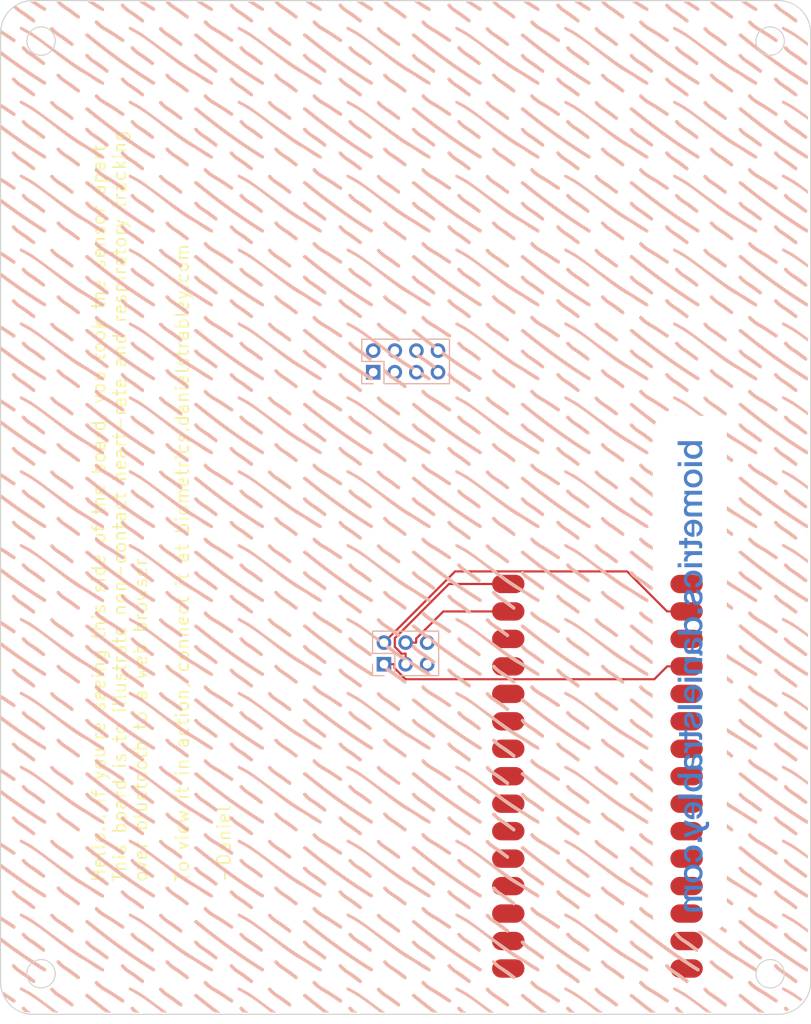
<source format=kicad_pcb>
(kicad_pcb (version 20221018) (generator pcbnew)
  (layers (0 "F.Cu" signal) (31 "B.Cu" signal) (34 "B.Paste" user) (35 "F.Paste" user) (36 "B.SilkS" user "B.Silkscreen") (37 "F.SilkS" user "F.Silkscreen") (38 "B.Mask" user) (39 "F.Mask" user) (44 "Edge.Cuts" user))
  (net 0 "")
  (net 1 "Net-(J1-Pin_1)")
  (net 2 "Net-(J1-Pin_3)")
  (net 11 "Net-(J1-Pin_4)")
  (net 14 "Net-(J1-Pin_2)")
  (footprint "Nano_33:NANO_33_Footprint_SMD_Castell" (layer "F.Cu") (at 143.25 97.755 90)
    (fp_text reference "J3" hide)
    (fp_text value "Arduino-NANO-33" hide)
  )
  (footprint "Connector_PinSocket_2.00mm:PinSocket_2x03_P2.00mm_Vertical" (layer "B.Cu") (at 123.49 87.396 -90)
    (fp_text reference "J1" hide)
    (fp_text value "Conn_02x03_Odd_Even" hide)
  )
  (footprint "Connector_PinSocket_2.00mm:PinSocket_2x04_P2.00mm_Vertical" (layer "B.Cu") (at 122.49 60.396 -90)
    (fp_text reference "J2" hide)
    (fp_text value "Conn_02x04_Odd_Even" hide)
  )
  (gr_poly (pts (xy 151.300107 94.979327) (xy 151.617612 94.979327) (xy 151.617612 94.984622) (xy 151.609208 94.986728) (xy 151.600863 94.989079) (xy 151.592572 94.991671) (xy 151.584331 94.994499) (xy 151.576137 94.99756) (xy 151.567986 95.00085) (xy 151.559874 95.004365) (xy 151.551796 95.008101) (xy 151.54375 95.012054) (xy 151.53573 95.016221) (xy 151.527734 95.020596) (xy 151.519758 95.025177) (xy 151.503846 95.034938) (xy 151.487966 95.045474) (xy 151.480061 95.051052) (xy 151.472222 95.056867) (xy 151.464452 95.062906) (xy 151.456756 95.069159) (xy 151.449138 95.075613) (xy 151.4416 95.082258) (xy 151.434148 95.089081) (xy 151.426785 95.09607) (xy 151.419514 95.103214) (xy 151.412341 95.110502) (xy 151.398299 95.125462) (xy 151.384692 95.140855) (xy 151.371549 95.156588) (xy 151.365163 95.164617) (xy 151.358905 95.172824) (xy 151.352778 95.181201) (xy 151.346788 95.189742) (xy 151.340937 95.198438) (xy 151.335229 95.207281) (xy 151.329668 95.216264) (xy 151.324259 95.225379) (xy 151.319004 95.234618) (xy 151.313909 95.243973) (xy 151.308976 95.253437) (xy 151.304209 95.263001) (xy 151.299613 95.272659) (xy 151.295191 95.282401) (xy 151.290947 95.292222) (xy 151.286885 95.302111) (xy 151.28304 95.312034) (xy 151.279442 95.321961) (xy 151.276093 95.331895) (xy 151.272992 95.341841) (xy 151.270139 95.351802) (xy 151.267534 95.361783) (xy 151.265178 95.371787) (xy 151.263069 95.381818) (xy 151.261209 95.391879) (xy 151.259597 95.401976) (xy 151.258232 95.412111) (xy 151.257116 95.422289) (xy 151.256248 95.432514) (xy 151.255628 95.442788) (xy 151.255256 95.453117) (xy 151.255132 95.463504) (xy 151.255173 95.492771) (xy 151.255463 95.517081) (xy 151.255778 95.527376) (xy 151.256249 95.53643) (xy 151.256905 95.544243) (xy 151.257779 95.550814) (xy 151.259727 95.562767) (xy 151.260621 95.568819) (xy 151.261422 95.574963) (xy 151.262099 95.581232) (xy 151.26262 95.587655) (xy 151.262955 95.594265) (xy 151.263074 95.601092) (xy 151.612325 95.601092) (xy 151.61046 95.591283) (xy 151.608812 95.581661) (xy 151.607349 95.572162) (xy 151.60604 95.562726) (xy 151.603763 95.543794) (xy 151.601735 95.524371) (xy 151.599792 95.504566) (xy 151.598099 95.485007) (xy 151.597423 95.475399) (xy 151.596902 95.465946) (xy 151.596567 95.456681) (xy 151.596448 95.447634) (xy 151.596602 95.436259) (xy 151.597063 95.424948) (xy 151.597826 95.413707) (xy 151.598887 95.402538) (xy 151.600243 95.391447) (xy 151.60189 95.380436) (xy 151.603824 95.369511) (xy 151.60604 95.358674) (xy 151.608536 95.34793) (xy 151.611307 95.337283) (xy 151.614349 95.326736) (xy 151.617659 95.316294) (xy 151.621233 95.305961) (xy 151.625066 95.29574) (xy 151.629155 95.285636) (xy 151.633496 95.275653) (xy 151.638115 95.265793) (xy 151.643041 95.256062) (xy 151.648268 95.246462) (xy 151.653794 95.236999) (xy 151.659615 95.227674) (xy 151.665726 95.218493) (xy 151.672124 95.20946) (xy 151.678805 95.200577) (xy 151.685764 95.19185) (xy 151.693 95.183282) (xy 151.700506 95.174876) (xy 151.70828 95.166637) (xy 151.716317 95.158568) (xy 151.724614 95.150674) (xy 151.733167 95.142958) (xy 151.741971 95.135424) (xy 151.751025 95.128073) (xy 151.760331 95.120909) (xy 151.769893 95.113931) (xy 151.779715 95.10714) (xy 151.7898 95.100535) (xy 151.800153 95.094117) (xy 151.810778 95.087885) (xy 151.821677 95.081839) (xy 151.832856 95.07598) (xy 151.844318 95.070307) (xy 151.856066 95.06482) (xy 151.868106 95.05952) (xy 151.88044 95.054406) (xy 151.893072 95.049477) (xy 151.906007 95.044735) (xy 151.919248 95.040179) (xy 151.9323 95.035867) (xy 151.945655 95.031862) (xy 151.959305 95.028159) (xy 151.973241 95.024754) (xy 151.987457 95.021644) (xy 152.001943 95.018825) (xy 152.016693 95.016292) (xy 152.031699 95.014043) (xy 152.046953 95.012072) (xy 152.062448 95.010377) (xy 152.094126 95.007797) (xy 152.126672 95.006272) (xy 152.160024 95.00577) (xy 152.940541 95.00577) (xy 152.940541 94.643298) (xy 151.300107 94.643298)) (fill solid) (layer "B.Cu"))
  (gr_poly (pts (xy 151.300107 93.690798) (xy 150.807988 93.690798) (xy 150.807988 94.053286) (xy 151.300107 94.053286) (xy 151.300107 94.381366) (xy 151.569982 94.381366) (xy 151.569982 94.053286) (xy 152.445752 94.053286) (xy 152.459508 94.053405) (xy 152.472954 94.05374) (xy 152.486027 94.054262) (xy 152.498667 94.054938) (xy 152.522396 94.056634) (xy 152.543645 94.058581) (xy 152.548574 94.059137) (xy 152.553438 94.059814) (xy 152.558231 94.060607) (xy 152.562951 94.061512) (xy 152.567594 94.062527) (xy 152.572155 94.063645) (xy 152.576631 94.064865) (xy 152.581018 94.066182) (xy 152.585311 94.067592) (xy 152.589508 94.069091) (xy 152.593604 94.070676) (xy 152.597596 94.072342) (xy 152.601479 94.074086) (xy 152.60525 94.075904) (xy 152.608905 94.077791) (xy 152.612439 94.079745) (xy 152.61588 94.081823) (xy 152.619251 94.084082) (xy 152.622545 94.08652) (xy 152.625753 94.089132) (xy 152.628869 94.091914) (xy 152.631883 94.094862) (xy 152.634789 94.097974) (xy 152.637578 94.101245) (xy 152.640244 94.10467) (xy 152.642777 94.108248) (xy 152.645171 94.111972) (xy 152.647417 94.115841) (xy 152.649509 94.11985) (xy 152.651437 94.123995) (xy 152.653195 94.128272) (xy 152.654775 94.132678) (xy 152.656231 94.137237) (xy 152.657621 94.141981) (xy 152.658942 94.146911) (xy 152.660189 94.152027) (xy 152.661359 94.157329) (xy 152.662448 94.162817) (xy 152.663451 94.16849) (xy 152.664365 94.17435) (xy 152.665186 94.180395) (xy 152.66591 94.186626) (xy 152.666534 94.193044) (xy 152.667053 94.199647) (xy 152.667463 94.206437) (xy 152.667761 94.213413) (xy 152.667943 94.220575) (xy 152.668004 94.227923) (xy 152.667963 94.247346) (xy 152.667673 94.266278) (xy 152.667358 94.275714) (xy 152.666887 94.285213) (xy 152.666231 94.294836) (xy 152.665357 94.304644) (xy 152.665296 94.309573) (xy 152.665119 94.314448) (xy 152.664834 94.319277) (xy 152.664448 94.324067) (xy 152.663405 94.333564) (xy 152.662051 94.342999) (xy 152.66045 94.352435) (xy 152.658662 94.361934) (xy 152.654775 94.381366) (xy 152.935231 94.381366) (xy 152.937103 94.366483) (xy 152.938788 94.351634) (xy 152.941846 94.322158) (xy 152.944904 94.293179) (xy 152.946589 94.278952) (xy 152.948461 94.264941) (xy 152.950208 94.250934) (xy 152.951522 94.23671) (xy 152.952463 94.222299) (xy 152.953094 94.207732) (xy 152.953476 94.193041) (xy 152.953673 94.178256) (xy 152.953756 94.148532) (xy 152.953378 94.113682) (xy 152.952225 94.080568) (xy 152.950266 94.04919) (xy 152.94747 94.019547) (xy 152.943806 93.99164) (xy 152.939243 93.96547) (xy 152.93375 93.941035) (xy 152.930645 93.929469) (xy 152.927297 93.918338) (xy 152.923731 93.90758) (xy 152.919978 93.897128) (xy 152.91604 93.886978) (xy 152.911916 93.877126) (xy 152.907606 93.867569) (xy 152.90311 93.858301) (xy 152.898428 93.849321) (xy 152.89356 93.840623) (xy 152.888506 93.832203) (xy 152.883266 93.824059) (xy 152.87784 93.816186) (xy 152.872228 93.808579) (xy 152.86643 93.801237) (xy 152.860446 93.794153) (xy 152.854276 93.787325) (xy 152.847921 93.780749) (xy 152.841347 93.774455) (xy 152.83453 93.768466) (xy 152.827472 93.762781) (xy 152.820178 93.757393) (xy 152.812652 93.7523) (xy 152.804897 93.747498) (xy 152.796918 93.742982) (xy 152.788717 93.738749) (xy 152.7803 93.734795) (xy 152.77167 93.731117) (xy 152.76283 93.727709) (xy 152.753785 93.724569) (xy 152.744538 93.721692) (xy 152.735094 93.719074) (xy 152.725455 93.716712) (xy 152.715627 93.714602) (xy 152.695416 93.710765) (xy 152.674492 93.707206) (xy 152.652887 93.703955) (xy 152.63063 93.701045) (xy 152.607753 93.698507) (xy 152.584287 93.696372) (xy 152.560262 93.694672) (xy 152.53571 93.693438) (xy 151.567334 93.693438) (xy 151.567334 93.420901) (xy 151.300107 93.420901)) (fill solid) (layer "B.Cu"))
  (gr_poly (pts (xy 152.48794 84.965079) (xy 152.469656 84.96573) (xy 152.451759 84.966815) (xy 152.434258 84.968335) (xy 152.417159 84.970289) (xy 152.400471 84.972676) (xy 152.384202 84.975499) (xy 152.36836 84.978755) (xy 152.352951 84.982445) (xy 152.337985 84.98657) (xy 152.323468 84.991128) (xy 152.309408 84.996121) (xy 152.295814 85.001548) (xy 152.282693 85.007409) (xy 152.270053 85.013705) (xy 152.257901 85.020434) (xy 152.246151 85.027505) (xy 152.234714 85.034828) (xy 152.223596 85.042407) (xy 152.212799 85.050245) (xy 152.202327 85.058346) (xy 152.192185 85.066715) (xy 152.182376 85.075354) (xy 152.172904 85.084269) (xy 152.163773 85.093463) (xy 152.154988 85.10294) (xy 152.14655 85.112703) (xy 152.138466 85.122757) (xy 152.130738 85.133106) (xy 152.12337 85.143753) (xy 152.116366 85.154702) (xy 152.109731 85.165957) (xy 152.102939 85.17743) (xy 152.09645 85.189035) (xy 152.090256 85.20078) (xy 152.084348 85.212672) (xy 152.078719 85.224719) (xy 152.073362 85.236929) (xy 152.068268 85.249309) (xy 152.06343 85.261868) (xy 152.05884 85.274613) (xy 152.05449 85.287552) (xy 152.050373 85.300693) (xy 152.04648 85.314043) (xy 152.042804 85.32761) (xy 152.039338 85.341402) (xy 152.033002 85.369693) (xy 152.027178 85.397592) (xy 152.021633 85.425708) (xy 152.016399 85.454009) (xy 152.011505 85.482466) (xy 152.006983 85.511048) (xy 152.002864 85.539723) (xy 151.999177 85.568461) (xy 151.995954 85.597232) (xy 151.991238 85.621798) (xy 151.986986 85.64593) (xy 151.983168 85.669688) (xy 151.979752 85.693137) (xy 151.976707 85.716338) (xy 151.974004 85.739354) (xy 151.97161 85.762248) (xy 151.969495 85.785083) (xy 151.967383 85.806654) (xy 151.964992 85.827701) (xy 151.96229 85.848192) (xy 151.959247 85.868094) (xy 151.955831 85.887377) (xy 151.952011 85.906009) (xy 151.947757 85.923959) (xy 151.943036 85.941195) (xy 151.940492 85.949538) (xy 151.93782 85.95769) (xy 151.935017 85.965648) (xy 151.932078 85.973407) (xy 151.929 85.980964) (xy 151.925779 85.988315) (xy 151.922411 85.995457) (xy 151.918891 86.002385) (xy 151.915217 86.009096) (xy 151.911383 86.015585) (xy 151.907387 86.02185) (xy 151.903224 86.027886) (xy 151.89889 86.03369) (xy 151.894381 86.039258) (xy 151.889694 86.044586) (xy 151.884824 86.04967) (xy 151.879708 86.054476) (xy 151.874282 86.058972) (xy 151.868546 86.063158) (xy 151.8625 86.067033) (xy 151.856145 86.070599) (xy 151.849479 86.073855) (xy 151.842503 86.0768) (xy 151.835217 86.079436) (xy 151.82762 86.081762) (xy 151.819714 86.083777) (xy 151.811497 86.085482) (xy 151.80297 86.086878) (xy 151.794133 86.087963) (xy 151.784986 86.088738) (xy 151.775528 86.089203) (xy 151.76576 86.089358) (xy 151.756954 86.089233) (xy 151.748392 86.088857) (xy 151.74007 86.088225) (xy 151.731985 86.087334) (xy 151.724133 86.086179) (xy 151.716509 86.084756) (xy 151.70911 86.083062) (xy 151.701931 86.081094) (xy 151.69497 86.078845) (xy 151.688222 86.076314) (xy 151.681682 86.073496) (xy 151.675349 86.070387) (xy 151.669217 86.066984) (xy 151.663282 86.063281) (xy 151.657541 86.059276) (xy 151.65199 86.054965) (xy 151.646597 86.050467) (xy 151.641331 86.045904) (xy 151.636197 86.041271) (xy 151.631198 86.036564) (xy 151.626338 86.031781) (xy 151.621622 86.026916) (xy 151.617053 86.021965) (xy 151.612635 86.016926) (xy 151.608372 86.011795) (xy 151.604267 86.006566) (xy 151.600326 86.001237) (xy 151.596551 85.995804) (xy 151.592947 85.990262) (xy 151.589517 85.984608) (xy 151.586265 85.978838) (xy 151.583196 85.972949) (xy 151.580282 85.966934) (xy 151.577492 85.960798) (xy 151.574826 85.954547) (xy 151.572284 85.948183) (xy 151.569866 85.94171) (xy 151.567572 85.935133) (xy 151.565401 85.928455) (xy 151.563355 85.921681) (xy 151.561432 85.914814) (xy 151.559634 85.907858) (xy 151.557959 85.900817) (xy 151.556409 85.893695) (xy 151.553681 85.879223) (xy 151.55145 85.864474) (xy 151.549591 85.849601) (xy 151.54798 85.834791) (xy 151.546616 85.820104) (xy 151.5455 85.805604) (xy 151.544632 85.791351) (xy 151.544012 85.77741) (xy 151.543639 85.76384) (xy 151.543515 85.750704) (xy 151.543763 85.73204) (xy 151.544507 85.713751) (xy 151.545748 85.695842) (xy 151.547484 85.678316) (xy 151.549716 85.661178) (xy 151.552444 85.644432) (xy 151.555668 85.62808) (xy 151.559388 85.612128) (xy 151.563605 85.596579) (xy 151.568317 85.581437) (xy 151.573525 85.566705) (xy 151.57923 85.552388) (xy 151.58543 85.53849) (xy 151.592126 85.525015) (xy 151.599319 85.511965) (xy 151.607007 85.499346) (xy 151.615223 85.487285) (xy 151.623994 85.475905) (xy 151.633315 85.465208) (xy 151.643182 85.455193) (xy 151.648319 85.450441) (xy 151.653592 85.44586) (xy 151.658999 85.441449) (xy 151.66454 85.437209) (xy 151.676024 85.42924) (xy 151.688038 85.421954) (xy 151.700579 85.41535) (xy 151.713644 85.409428) (xy 151.727228 85.404189) (xy 151.741327 85.399633) (xy 151.755938 85.395759) (xy 151.771056 85.392567) (xy 151.786678 85.390058) (xy 151.8028 85.388232) (xy 151.8028 85.025744) (xy 151.783173 85.026984) (xy 151.763975 85.028717) (xy 151.745204 85.030937) (xy 151.726855 85.033642) (xy 151.708925 85.036827) (xy 151.691409 85.040489) (xy 151.674304 85.044624) (xy 151.657606 85.049227) (xy 151.641312 85.054296) (xy 151.625416 85.059825) (xy 151.609916 85.065812) (xy 151.594808 85.072252) (xy 151.580087 85.079141) (xy 151.56575 85.086475) (xy 151.551794 85.094251) (xy 151.538213 85.102465) (xy 151.525439 85.111024) (xy 151.512922 85.119835) (xy 151.500668 85.128902) (xy 151.488685 85.138229) (xy 151.476982 85.147819) (xy 151.465565 85.157677) (xy 151.454443 85.167806) (xy 151.443624 85.17821) (xy 151.433114 85.188893) (xy 151.422922 85.199859) (xy 151.413056 85.211111) (xy 151.403523 85.222654) (xy 151.394331 85.234491) (xy 151.385488 85.246627) (xy 151.377001 85.259064) (xy 151.368879 85.271807) (xy 151.361095 85.284801) (xy 151.353618 85.297985) (xy 151.346443 85.311361) (xy 151.339567 85.324935) (xy 151.332986 85.338711) (xy 151.326695 85.352691) (xy 151.320691 85.366881) (xy 151.31497 85.381283) (xy 151.309528 85.395903) (xy 151.304361 85.410743) (xy 151.299466 85.425808) (xy 151.294838 85.441102) (xy 151.290473 85.456628) (xy 151.286368 85.472391) (xy 151.282518 85.488394) (xy 151.27892 85.504641) (xy 151.273225 85.537398) (xy 151.268088 85.570214) (xy 151.263572 85.603153) (xy 151.259737 85.636277) (xy 151.256647 85.669649) (xy 151.254363 85.703333) (xy 151.252947 85.73739) (xy 151.252462 85.771884) (xy 151.252839 85.801645) (xy 151.253991 85.831407) (xy 151.255949 85.861171) (xy 151.258744 85.890937) (xy 151.262408 85.920703) (xy 151.266971 85.950472) (xy 151.272465 85.980241) (xy 151.27892 86.010012) (xy 151.282051 86.02477) (xy 151.285484 86.039288) (xy 151.289211 86.053574) (xy 151.293226 86.067635) (xy 151.297519 86.08148) (xy 151.302084 86.095116) (xy 151.306912 86.10855) (xy 151.311996 86.121791) (xy 151.3229 86.147722) (xy 151.334734 86.17297) (xy 151.347436 86.197598) (xy 151.360944 86.221667) (xy 151.368043 86.233419) (xy 151.375449 86.244861) (xy 151.383157 86.255993) (xy 151.391163 86.266814) (xy 151.399463 86.277326) (xy 151.408054 86.287527) (xy 151.416932 86.297417) (xy 151.426093 86.306998) (xy 151.435533 86.316269) (xy 151.445249 86.325229) (xy 151.455236 86.33388) (xy 151.46549 86.342221) (xy 151.476008 86.350251) (xy 151.486786 86.357972) (xy 151.49782 86.365383) (xy 151.509107 86.372485) (xy 151.520672 86.379244) (xy 151.532544 86.385622) (xy 151.544717 86.391613) (xy 151.557189 86.397208) (xy 151.569956 86.402399) (xy 151.583013 86.40718) (xy 151.596356 86.411541) (xy 151.609983 86.415477) (xy 151.623888 86.418977) (xy 151.638068 86.422037) (xy 151.65252 86.424646) (xy 151.667239 86.426799) (xy 151.682222 86.428486) (xy 151.697464 86.429701) (xy 151.712962 86.430435) (xy 151.728711 86.430682) (xy 152.575399 86.430682) (xy 152.575399 86.427996) (xy 152.591647 86.42825) (xy 152.606655 86.42903) (xy 152.613694 86.429628) (xy 152.620423 86.430369) (xy 152.626841 86.431257) (xy 152.63295 86.432296) (xy 152.638748 86.433489) (xy 152.644237 86.434842) (xy 152.649415 86.436357) (xy 152.654282 86.438039) (xy 152.65884 86.43989) (xy 152.663087 86.441916) (xy 152.667025 86.44412) (xy 152.670652 86.446505) (xy 152.672365 86.447537) (xy 152.674031 86.448645) (xy 152.67565 86.44983) (xy 152.677221 86.451091) (xy 152.678743 86.452428) (xy 152.680216 86.45384) (xy 152.68164 86.455326) (xy 152.683014 86.456886) (xy 152.684338 86.458521) (xy 152.685611 86.460228) (xy 152.686832 86.462008) (xy 152.688001 86.46386) (xy 152.689119 86.465783) (xy 152.690183 86.467778) (xy 152.691194 86.469844) (xy 152.692151 86.47198) (xy 152.693054 86.474185) (xy 152.693902 86.47646) (xy 152.694695 86.478804) (xy 152.695433 86.481216) (xy 152.696114 86.483695) (xy 152.696738 86.486242) (xy 152.697305 86.488856) (xy 152.697815 86.491536) (xy 152.698659 86.497094) (xy 152.699267 86.502911) (xy 152.699634 86.508983) (xy 152.699758 86.515307) (xy 152.699758 86.552355) (xy 152.699639 86.558312) (xy 152.699303 86.564299) (xy 152.69878 86.570348) (xy 152.698103 86.576491) (xy 152.697302 86.582758) (xy 152.696407 86.589181) (xy 152.694463 86.602618) (xy 152.945813 86.602618) (xy 152.946776 86.600108) (xy 152.947685 86.597532) (xy 152.948547 86.594886) (xy 152.949371 86.592166) (xy 152.950932 86.586488) (xy 152.952432 86.580468) (xy 152.955493 86.567279) (xy 152.957179 86.56005) (xy 152.95905 86.552355) (xy 152.962976 86.536886) (xy 152.966655 86.521918) (xy 152.968325 86.514467) (xy 152.969839 86.506955) (xy 152.971168 86.499321) (xy 152.97228 86.491503) (xy 152.974144 86.483563) (xy 152.975791 86.475624) (xy 152.977253 86.467687) (xy 152.978561 86.459752) (xy 152.979744 86.451817) (xy 152.980835 86.443882) (xy 152.982862 86.428012) (xy 152.983733 86.420199) (xy 152.984388 86.412666) (xy 152.984857 86.405444) (xy 152.985171 86.398564) (xy 152.985362 86.392056) (xy 152.98546 86.385952) (xy 152.985501 86.375079) (xy 152.985316 86.361343) (xy 152.984763 86.347913) (xy 152.983845 86.334786) (xy 152.982567 86.321957) (xy 152.980933 86.309422) (xy 152.978945 86.297178) (xy 152.97661 86.285221) (xy 152.973929 86.273547) (xy 152.970907 86.262152) (xy 152.967547 86.251031) (xy 152.963855 86.240182) (xy 152.959833 86.2296) (xy 152.955485 86.219282) (xy 152.950815 86.209223) (xy 152.945828 86.199419) (xy 152.940526 86.189868) (xy 152.937728 86.18545) (xy 152.93479 86.181125) (xy 152.931714 86.176893) (xy 152.9285 86.172754) (xy 152.925149 86.168708) (xy 152.92166 86.164755) (xy 152.914273 86.157129) (xy 152.906344 86.149874) (xy 152.897876 86.142992) (xy 152.888873 86.136481) (xy 152.879339 86.130343) (xy 152.869279 86.124577) (xy 152.858695 86.119182) (xy 152.847591 86.11416) (xy 152.835973 86.109509) (xy 152.823842 86.10523) (xy 152.811204 86.101322) (xy 152.798063 86.097786) (xy 152.784421 86.094622) (xy 152.797131 86.081011) (xy 152.809462 86.066974) (xy 152.821406 86.052519) (xy 152.832954 86.037653) (xy 152.844099 86.022384) (xy 152.854834 86.00672) (xy 152.86515 85.990669) (xy 152.87504 85.974238) (xy 152.884496 85.957435) (xy 152.89351 85.940268) (xy 152.902074 85.922744) (xy 152.910181 85.904872) (xy 152.917823 85.886659) (xy 152.924992 85.868112) (xy 152.93168 85.84924) (xy 152.937879 85.83005) (xy 152.949042 85.7906) (xy 152.958716 85.751617) (xy 152.966901 85.713069) (xy 152.973598 85.674926) (xy 152.975924 85.658053) (xy 152.702398 85.658053) (xy 152.70215 85.673178) (xy 152.701406 85.688736) (xy 152.700167 85.704663) (xy 152.698431 85.7209) (xy 152.6962 85.737385) (xy 152.693472 85.754055) (xy 152.690248 85.770849) (xy 152.686528 85.787707) (xy 152.682193 85.804566) (xy 152.677144 85.821396) (xy 152.671413 85.838166) (xy 152.665031 85.854844) (xy 152.658028 85.871398) (xy 152.650437 85.887796) (xy 152.642287 85.904008) (xy 152.633611 85.920001) (xy 152.628587 85.927842) (xy 152.623436 85.935497) (xy 152.618152 85.942968) (xy 152.612733 85.950252) (xy 152.607174 85.957352) (xy 152.601472 85.964266) (xy 152.595623 85.970994) (xy 152.589623 85.977536) (xy 152.583467 85.983892) (xy 152.577153 85.990063) (xy 152.570677 85.996048) (xy 152.564033 86.001847) (xy 152.55722 86.007459) (xy 152.550232 86.012886) (xy 152.543066 86.018127) (xy 152.535718 86.023181) (xy 152.528183 86.028016) (xy 152.520458 86.032596) (xy 152.512539 86.036912) (xy 152.504423 86.040957) (xy 152.496105 86.044722) (xy 152.487582 86.048201) (xy 152.478849 86.051385) (xy 152.469903 86.054267) (xy 152.46074 86.056838) (xy 152.451356 86.059092) (xy 152.441748 86.061021) (xy 152.43191 86.062616) (xy 152.42184 86.06387) (xy 152.411533 86.064775) (xy 152.400986 86.065324) (xy 152.390195 86.065509) (xy 152.117673 86.065509) (xy 152.124433 86.054964) (xy 152.130824 86.044163) (xy 152.136851 86.0331) (xy 152.142518 86.021766) (xy 152.147828 86.010153) (xy 152.152785 85.998253) (xy 152.157394 85.986059) (xy 152.161657 85.973563) (xy 152.16558 85.960757) (xy 152.169165 85.947632) (xy 152.172417 85.934182) (xy 152.17534 85.920399) (xy 152.177936 85.906274) (xy 152.180212 85.8918) (xy 152.182169 85.876969) (xy 152.183812 85.861773) (xy 152.190305 85.801835) (xy 152.194001 85.771647) (xy 152.198037 85.741397) (xy 152.202446 85.711146) (xy 152.207257 85.680958) (xy 152.212502 85.650895) (xy 152.218213 85.62102) (xy 152.220434 85.607127) (xy 152.22309 85.593234) (xy 152.226118 85.579341) (xy 152.229457 85.565449) (xy 152.233044 85.551558) (xy 152.236817 85.537668) (xy 152.244672 85.50989) (xy 152.246719 85.503008) (xy 152.248891 85.49625) (xy 152.251186 85.489616) (xy 152.253604 85.483106) (xy 152.256147 85.476719) (xy 152.258813 85.470456) (xy 152.261604 85.464317) (xy 152.264518 85.458302) (xy 152.267556 85.452411) (xy 152.270718 85.446644) (xy 152.274004 85.441001) (xy 152.277414 85.435482) (xy 152.280948 85.430086) (xy 152.284606 85.424815) (xy 152.288388 85.419668) (xy 152.292295 85.414645) (xy 152.296325 85.409719) (xy 152.300479 85.404862) (xy 152.304758 85.400082) (xy 152.30916 85.395387) (xy 152.313687 85.390785) (xy 152.318338 85.386283) (xy 152.323113 85.38189) (xy 152.328012 85.377612) (xy 152.333035 85.373458) (xy 152.338182 85.369435) (xy 152.343453 85.365552) (xy 152.348849 85.361816) (xy 152.354368 85.358235) (xy 152.360011 85.354816) (xy 152.365779 85.351568) (xy 152.371671 85.348498) (xy 152.377716 85.345615) (xy 152.383948 85.342918) (xy 152.390366 85.340407) (xy 152.396969 85.338082) (xy 152.403759 85.335942) (xy 152.410736 85.333988) (xy 152.417898 85.33222) (xy 152.425246 85.330638) (xy 152.432781 85.329241) (xy 152.440502 85.328031) (xy 152.448409 85.327007) (xy 152.456502 85.326169) (xy 152.464781 85.325517) (xy 152.473246 85.325052) (xy 152.481898 85.324772) (xy 152.490735 85.324679) (xy 152.498113 85.324804) (xy 152.505363 85.32518) (xy 152.512481 85.325812) (xy 152.519464 85.326704) (xy 152.526308 85.327859) (xy 152.533008 85.329281) (xy 152.539561 85.330975) (xy 152.545963 85.332944) (xy 152.552211 85.335192) (xy 152.558299 85.337723) (xy 152.564225 85.340541) (xy 152.569984 85.34365) (xy 152.575572 85.347054) (xy 152.580986 85.350756) (xy 152.586222 85.354761) (xy 152.591275 85.359072) (xy 152.601063 85.368139) (xy 152.605844 85.372784) (xy 152.61054 85.377514) (xy 152.615143 85.382338) (xy 152.619646 85.387262) (xy 152.62404 85.392294) (xy 152.628317 85.397443) (xy 152.632471 85.402715) (xy 152.636492 85.408119) (xy 152.640375 85.413663) (xy 152.64411 85.419353) (xy 152.64769 85.425199) (xy 152.651107 85.431208) (xy 152.654354 85.437386) (xy 152.657422 85.443743) (xy 152.660338 85.449759) (xy 152.663133 85.455894) (xy 152.665812 85.462146) (xy 152.668378 85.46851) (xy 152.673189 85.481559) (xy 152.677597 85.495011) (xy 152.681633 85.508834) (xy 152.685327 85.522997) (xy 152.688711 85.537469) (xy 152.691816 85.552218) (xy 152.695703 85.581035) (xy 152.699092 85.608117) (xy 152.700445 85.621083) (xy 152.701489 85.633708) (xy 152.70216 85.646021) (xy 152.702398 85.658053) (xy 152.975924 85.658053) (xy 152.978806 85.637156) (xy 152.982526 85.599728) (xy 152.984758 85.562611) (xy 152.985501 85.525775) (xy 152.985011 85.498119) (xy 152.983559 85.470744) (xy 152.981176 85.44368) (xy 152.977895 85.416959) (xy 152.973745 85.39061) (xy 152.968758 85.364664) (xy 152.962964 85.339152) (xy 152.956395 85.314105) (xy 152.952333 85.301327) (xy 152.948081 85.288791) (xy 152.943636 85.276487) (xy 152.938992 85.264409) (xy 152.934147 85.252547) (xy 152.929096 85.240896) (xy 152.923837 85.229446) (xy 152.918364 85.21819) (xy 152.912674 85.20712) (xy 152.906763 85.196229) (xy 152.900628 85.185508) (xy 152.894264 85.17495) (xy 152.887667 85.164546) (xy 152.880834 85.15429) (xy 152.873762 85.144174) (xy 152.866445 85.134188) (xy 152.85888 85.12442) (xy 152.851071 85.114955) (xy 152.843022 85.105784) (xy 152.834736 85.0969) (xy 152.826218 85.088296) (xy 152.817471 85.079963) (xy 152.808499 85.071894) (xy 152.799306 85.06408) (xy 152.789896 85.056514) (xy 152.780273 85.049189) (xy 152.770441 85.042096) (xy 152.760403 85.035228) (xy 152.750164 85.028576) (xy 152.739726 85.022134) (xy 152.729095 85.015892) (xy 152.718274 85.009845) (xy 152.70677 85.004107) (xy 152.695072 84.998795) (xy 152.683172 84.993902) (xy 152.671063 84.98942) (xy 152.658737 84.985341) (xy 152.646186 84.981657) (xy 152.633403 84.978362) (xy 152.620379 84.975445) (xy 152.607107 84.972902) (xy 152.593579 84.970722) (xy 152.579787 84.968899) (xy 152.565724 84.967425) (xy 152.551382 84.966292) (xy 152.536753 84.965492) (xy 152.52183 84.965018) (xy 152.506604 84.964862)) (fill solid) (layer "B.Cu"))
  (gr_poly (pts (xy 152.052524 83.031736) (xy 151.999902 83.034676) (xy 151.949202 83.039538) (xy 151.900394 83.046292) (xy 151.853445 83.054906) (xy 151.808326 83.06535) (xy 151.765006 83.077592) (xy 151.744011 83.084377) (xy 151.723455 83.091601) (xy 151.703361 83.099198) (xy 151.683756 83.107109) (xy 151.664631 83.115337) (xy 151.64598 83.123887) (xy 151.627793 83.132762) (xy 151.610064 83.141967) (xy 151.592785 83.151504) (xy 151.575947 83.16138) (xy 151.559543 83.171596) (xy 151.543566 83.182157) (xy 151.528007 83.193068) (xy 151.512859 83.204331) (xy 151.498114 83.215951) (xy 151.483765 83.227933) (xy 151.469802 83.240279) (xy 151.45622 83.252993) (xy 151.443508 83.265519) (xy 151.431177 83.278289) (xy 151.419233 83.291299) (xy 151.407685 83.304545) (xy 151.39654 83.318024) (xy 151.385806 83.331731) (xy 151.37549 83.345663) (xy 151.365601 83.359816) (xy 151.356146 83.374186) (xy 151.347132 83.38877) (xy 151.338568 83.403562) (xy 151.330462 83.418561) (xy 151.32282 83.433761) (xy 151.315651 83.449159) (xy 151.308963 83.46475) (xy 151.302762 83.480532) (xy 151.291488 83.512403) (xy 151.281515 83.544524) (xy 151.277036 83.560678) (xy 151.272906 83.576894) (xy 151.269132 83.593173) (xy 151.265722 83.609513) (xy 151.262685 83.625916) (xy 151.260027 83.64238) (xy 151.257757 83.658906) (xy 151.255883 83.675495) (xy 151.254411 83.692145) (xy 151.25335 83.708856) (xy 151.252708 83.72563) (xy 151.252492 83.742465) (xy 151.252735 83.761433) (xy 151.253442 83.78062) (xy 151.254584 83.799995) (xy 151.256128 83.819525) (xy 151.258045 83.83918) (xy 151.260304 83.858928) (xy 151.262873 83.878738) (xy 151.265721 83.898577) (xy 151.269824 83.918302) (xy 151.274237 83.937809) (xy 151.279022 83.95713) (xy 151.284242 83.976296) (xy 151.289958 83.995338) (xy 151.296232 84.014288) (xy 151.303127 84.033176) (xy 151.310704 84.052035) (xy 151.318894 84.06977) (xy 151.327611 84.087257) (xy 151.336887 84.104497) (xy 151.346751 84.121489) (xy 151.357236 84.138234) (xy 151.368372 84.154731) (xy 151.38019 84.170981) (xy 151.39272 84.186984) (xy 151.399203 84.194827) (xy 151.405755 84.202485) (xy 151.412384 84.209956) (xy 151.419098 84.217242) (xy 151.425905 84.224342) (xy 151.432812 84.231255) (xy 151.439828 84.237983) (xy 151.446961 84.244525) (xy 151.454217 84.25088) (xy 151.461605 84.25705) (xy 151.469133 84.263034) (xy 151.476808 84.268832) (xy 151.484638 84.274444) (xy 151.492631 84.27987) (xy 151.500795 84.28511) (xy 151.509137 84.290164) (xy 151.509137 84.295459) (xy 150.670407 84.295459) (xy 150.670407 84.657946) (xy 152.940526 84.657946) (xy 152.940526 84.313967) (xy 152.718282 84.313967) (xy 152.718282 84.308673) (xy 152.73583 84.299465) (xy 152.752754 84.289703) (xy 152.76905 84.27939) (xy 152.784715 84.268531) (xy 152.799744 84.25713) (xy 152.814134 84.245189) (xy 152.82788 84.232714) (xy 152.84098 84.219708) (xy 152.853428 84.206175) (xy 152.865221 84.192119) (xy 152.876356 84.177544) (xy 152.886828 84.162454) (xy 152.896633 84.146852) (xy 152.905767 84.130743) (xy 152.914228 84.11413) (xy 152.92201 84.097018) (xy 152.92967 84.079592) (xy 152.936779 84.062038) (xy 152.943346 84.044351) (xy 152.949378 84.02653) (xy 152.954883 84.008568) (xy 152.959868 83.990464) (xy 152.964342 83.972212) (xy 152.968311 83.953809) (xy 152.971785 83.93525) (xy 152.97477 83.916533) (xy 152.977275 83.897653) (xy 152.979307 83.878607) (xy 152.980874 83.85939) (xy 152.981508 83.8483) (xy 152.69711 83.8483) (xy 152.696924 83.863088) (xy 152.696361 83.877683) (xy 152.695418 83.892077) (xy 152.694092 83.906261) (xy 152.692378 83.920228) (xy 152.690273 83.933971) (xy 152.687773 83.94748) (xy 152.684873 83.960749) (xy 152.68157 83.97377) (xy 152.67786 83.986535) (xy 152.67374 83.999037) (xy 152.669205 84.011266) (xy 152.664251 84.023217) (xy 152.658875 84.03488) (xy 152.653073 84.046249) (xy 152.64684 84.057315) (xy 152.640267 84.068103) (xy 152.633449 84.078643) (xy 152.626392 84.088936) (xy 152.619098 84.098982) (xy 152.611572 84.108779) (xy 152.603817 84.118329) (xy 152.595837 84.127631) (xy 152.587637 84.136685) (xy 152.57922 84.145491) (xy 152.570589 84.154049) (xy 152.56175 84.162359) (xy 152.552704 84.17042) (xy 152.543458 84.178233) (xy 152.534013 84.185798) (xy 152.524375 84.193115) (xy 152.514547 84.200183) (xy 152.504066 84.207006) (xy 152.493457 84.213585) (xy 152.482716 84.219923) (xy 152.47184 84.226025) (xy 152.460824 84.231894) (xy 152.449666 84.237534) (xy 152.438359 84.242949) (xy 152.426902 84.248143) (xy 152.41529 84.25312) (xy 152.403518 84.257883) (xy 152.391584 84.262437) (xy 152.379483 84.266785) (xy 152.367212 84.270932) (xy 152.354766 84.27488) (xy 152.342142 84.278634) (xy 152.329335 84.282199) (xy 152.303419 84.288654) (xy 152.277286 84.294148) (xy 152.250967 84.298711) (xy 152.224494 84.302375) (xy 152.197897 84.30517) (xy 152.171207 84.307128) (xy 152.144456 84.30828) (xy 152.117673 84.308657) (xy 152.083937 84.308192) (xy 152.051186 84.306792) (xy 152.019411 84.304454) (xy 151.988605 84.301174) (xy 151.958761 84.296949) (xy 151.92987 84.291774) (xy 151.901925 84.285645) (xy 151.874917 84.278559) (xy 151.84884 84.270512) (xy 151.823685 84.2615) (xy 151.799445 84.251518) (xy 151.776112 84.240564) (xy 151.753678 84.228632) (xy 151.732135 84.21572) (xy 151.711476 84.201823) (xy 151.691693 84.186938) (xy 151.672967 84.17122) (xy 151.655476 84.154823) (xy 151.639218 84.137752) (xy 151.624188 84.120011) (xy 151.610383 84.101603) (xy 151.597798 84.082532) (xy 151.586431 84.062803) (xy 151.576276 84.042418) (xy 151.567331 84.021382) (xy 151.55959 83.999699) (xy 151.553052 83.977372) (xy 151.54771 83.954406) (xy 151.543563 83.930803) (xy 151.540605 83.906569) (xy 151.538833 83.881706) (xy 151.538243 83.856219) (xy 151.53846 83.840498) (xy 151.539106 83.825088) (xy 151.540179 83.809987) (xy 151.541674 83.795196) (xy 151.543588 83.780716) (xy 151.545916 83.766546) (xy 151.548656 83.752686) (xy 151.551802 83.739136) (xy 151.555351 83.725897) (xy 151.5593 83.712968) (xy 151.563644 83.700349) (xy 151.56838 83.68804) (xy 151.573503 83.676042) (xy 151.57901 83.664354) (xy 151.584898 83.652976) (xy 151.591161 83.641909) (xy 151.597734 83.631118) (xy 151.60456 83.620575) (xy 151.611641 83.61028) (xy 151.618982 83.600234) (xy 151.626586 83.590435) (xy 151.634458 83.580884) (xy 151.642601 83.571582) (xy 151.651019 83.562527) (xy 151.659717 83.553722) (xy 151.668697 83.545164) (xy 151.677965 83.536855) (xy 151.687523 83.528795) (xy 151.697376 83.520984) (xy 151.707527 83.513421) (xy 151.717981 83.506107) (xy 151.728742 83.499041) (xy 151.739252 83.492219) (xy 151.749948 83.485645) (xy 151.760831 83.479318) (xy 151.7719 83.473241) (xy 151.783155 83.467411) (xy 151.794596 83.461829) (xy 151.806224 83.456496) (xy 151.818037 83.451411) (xy 151.830037 83.446574) (xy 151.842222 83.441985) (xy 151.854594 83.437645) (xy 151.867151 83.433552) (xy 151.879895 83.429708) (xy 151.892824 83.426112) (xy 151.905939 83.422765) (xy 151.91924 83.419665) (xy 151.946033 83.414082) (xy 151.972857 83.409245) (xy 151.999743 83.405153) (xy 152.026722 83.401807) (xy 152.053825 83.399205) (xy 152.081084 83.397347) (xy 152.108528 83.396233) (xy 152.13619 83.395861) (xy 152.161987 83.396239) (xy 152.187784 83.397392) (xy 152.213581 83.399352) (xy 152.239377 83.402148) (xy 152.265174 83.405811) (xy 152.29097 83.410371) (xy 152.316767 83.415859) (xy 152.342565 83.422305) (xy 152.367877 83.429629) (xy 152.38018 83.433579) (xy 152.392259 83.437727) (xy 152.40412 83.442077) (xy 152.415772 83.446632) (xy 152.427223 83.451396) (xy 152.43848 83.456374) (xy 152.44955 83.461569) (xy 152.460442 83.466984) (xy 152.471164 83.472625) (xy 152.481722 83.478494) (xy 152.492125 83.484596) (xy 152.502381 83.490934) (xy 152.512497 83.497513) (xy 152.522481 83.504336) (xy 152.532279 83.511403) (xy 152.541829 83.518715) (xy 152.55113 83.526267) (xy 152.560184 83.534055) (xy 152.56899 83.542076) (xy 152.577547 83.550327) (xy 152.585856 83.558802) (xy 152.593918 83.567498) (xy 152.601732 83.576411) (xy 152.609297 83.585538) (xy 152.616615 83.594875) (xy 152.623685 83.604417) (xy 152.630507 83.614161) (xy 152.637082 83.624102) (xy 152.643409 83.634238) (xy 152.649488 83.644564) (xy 152.655255 83.655138) (xy 152.660651 83.666018) (xy 152.665674 83.677199) (xy 152.670325 83.688678) (xy 152.674603 83.700452) (xy 152.67851 83.712516) (xy 152.682044 83.724866) (xy 152.685207 83.7375) (xy 152.687997 83.750413) (xy 152.690415 83.763601) (xy 152.692461 83.77706) (xy 152.694135 83.790788) (xy 152.695437 83.804779) (xy 152.696366 83.819031) (xy 152.696924 83.833539) (xy 152.69711 83.8483) (xy 152.981508 83.8483) (xy 152.981983 83.839998) (xy 152.982643 83.820429) (xy 152.982862 83.800677) (xy 152.982583 83.776585) (xy 152.981751 83.75292) (xy 152.980368 83.729673) (xy 152.978438 83.706836) (xy 152.975966 83.684402) (xy 152.972956 83.662364) (xy 152.96941 83.640712) (xy 152.965334 83.619441) (xy 152.960731 83.598541) (xy 152.955604 83.578006) (xy 152.949958 83.557827) (xy 152.943797 83.537996) (xy 152.937124 83.518507) (xy 152.929944 83.499351) (xy 152.922259 83.480521) (xy 152.914075 83.462008) (xy 152.905425 83.443866) (xy 152.896349 83.426154) (xy 152.886854 83.40887) (xy 152.876949 83.392009) (xy 152.86664 83.375566) (xy 152.855936 83.359539) (xy 152.844845 83.343923) (xy 152.833374 83.328715) (xy 152.821531 83.31391) (xy 152.809324 83.299504) (xy 152.79676 83.285494) (xy 152.783847 83.271876) (xy 152.770594 83.258645) (xy 152.757007 83.245798) (xy 152.743094 83.233331) (xy 152.728864 83.22124) (xy 152.713827 83.209521) (xy 152.69848 83.198174) (xy 152.682823 83.187199) (xy 152.666856 83.176596) (xy 152.650578 83.166365) (xy 152.63399 83.156506) (xy 152.617092 83.147019) (xy 152.599884 83.137904) (xy 152.582366 83.129161) (xy 152.564538 83.120789) (xy 152.546399 83.11279) (xy 152.52795 83.105162) (xy 152.509192 83.097907) (xy 152.490123 83.091023) (xy 152.470744 83.084511) (xy 152.451055 83.078372) (xy 152.410883 83.067209) (xy 152.36978 83.057535) (xy 152.327809 83.049349) (xy 152.285031 83.042653) (xy 152.241508 83.037445) (xy 152.197304 83.033725) (xy 152.15248 83.031493) (xy 152.107099 83.030749)) (fill solid) (layer "B.Cu"))
  (gr_poly (pts (xy 152.082205 100.152757) (xy 152.039329 100.155362) (xy 151.997012 100.159703) (xy 151.955283 100.165782) (xy 151.93465 100.169472) (xy 151.914175 100.173597) (xy 151.893863 100.178155) (xy 151.873718 100.183148) (xy 151.853743 100.188575) (xy 151.833943 100.194436) (xy 151.814321 100.200732) (xy 151.794881 100.207461) (xy 151.775222 100.214594) (xy 151.755927 100.222098) (xy 151.736988 100.229974) (xy 151.718399 100.238223) (xy 151.700151 100.246843) (xy 151.682235 100.255834) (xy 151.664646 100.265198) (xy 151.647374 100.274934) (xy 151.630413 100.285041) (xy 151.613753 100.29552) (xy 151.597389 100.30637) (xy 151.581311 100.317593) (xy 151.565512 100.329187) (xy 151.549984 100.341152) (xy 151.53472 100.353489) (xy 151.519712 100.366198) (xy 151.505015 100.379254) (xy 151.490695 100.392624) (xy 151.476754 100.406311) (xy 151.463197 100.420319) (xy 151.450027 100.434653) (xy 151.437249 100.449316) (xy 151.424866 100.464312) (xy 151.412883 100.479645) (xy 151.401303 100.49532) (xy 151.39013 100.511339) (xy 151.379368 100.527707) (xy 151.369021 100.544428) (xy 151.359093 100.561505) (xy 151.349587 100.578943) (xy 151.340509 100.596746) (xy 151.331861 100.614917) (xy 151.323239 100.633396) (xy 151.31523 100.652131) (xy 151.307825 100.67113) (xy 151.301018 100.690401) (xy 151.294799 100.709951) (xy 151.289162 100.729788) (xy 151.284099 100.74992) (xy 151.279602 100.770354) (xy 151.275663 100.791098) (xy 151.272275 100.81216) (xy 151.269429 100.833548) (xy 151.267118 100.855268) (xy 151.265334 100.87733) (xy 151.264069 100.899739) (xy 151.263316 100.922506) (xy 151.263066 100.945636) (xy 151.263377 100.96979) (xy 151.264312 100.99363) (xy 151.265874 101.017152) (xy 151.268069 101.040352) (xy 151.270899 101.063226) (xy 151.274368 101.08577) (xy 151.278481 101.107981) (xy 151.28324 101.129855) (xy 151.288651 101.151387) (xy 151.294717 101.172575) (xy 151.301442 101.193413) (xy 151.308829 101.213899) (xy 151.316883 101.234029) (xy 151.325607 101.253798) (xy 151.335006 101.273202) (xy 151.345082 101.292239) (xy 151.355221 101.311372) (xy 151.365794 101.330074) (xy 151.376801 101.34835) (xy 151.388243 101.366203) (xy 151.400118 101.383637) (xy 151.412427 101.400657) (xy 151.42517 101.417265) (xy 151.438347 101.433467) (xy 151.451958 101.449264) (xy 151.466004 101.464663) (xy 151.480483 101.479665) (xy 151.495397 101.494276) (xy 151.510744 101.508498) (xy 151.526526 101.522337) (xy 151.542742 101.535795) (xy 151.559392 101.548876) (xy 151.576385 101.561527) (xy 151.593633 101.57369) (xy 151.611145 101.585373) (xy 151.628929 101.596583) (xy 151.646991 101.607329) (xy 151.665341 101.617617) (xy 151.683985 101.627456) (xy 151.702932 101.636853) (xy 151.722188 101.645816) (xy 151.741762 101.654353) (xy 151.761662 101.662471) (xy 151.781895 101.670179) (xy 151.802469 101.677483) (xy 151.823392 101.684392) (xy 151.844672 101.690913) (xy 151.866315 101.697055) (xy 151.888174 101.702727) (xy 151.910095 101.707841) (xy 151.932079 101.712398) (xy 151.954124 101.716397) (xy 151.976231 101.719839) (xy 151.998401 101.722723) (xy 152.020632 101.725049) (xy 152.042925 101.726817) (xy 152.06528 101.728027) (xy 152.087697 101.728679) (xy 152.110176 101.728774) (xy 152.132717 101.72831) (xy 152.15532 101.727288) (xy 152.177985 101.725708) (xy 152.200712 101.72357) (xy 152.2235 101.720874) (xy 152.2235 100.51192) (xy 152.236617 100.51213) (xy 152.260093 100.513283) (xy 152.283383 100.515243) (xy 152.306519 100.51804) (xy 152.329531 100.521705) (xy 152.352451 100.526268) (xy 152.37531 100.53176) (xy 152.398137 100.538211) (xy 152.419711 100.545534) (xy 152.430303 100.549483) (xy 152.440759 100.553631) (xy 152.451076 100.557979) (xy 152.461249 100.562533) (xy 152.471276 100.567296) (xy 152.481151 100.572272) (xy 152.490871 100.577465) (xy 152.500432 100.58288) (xy 152.50983 100.588519) (xy 152.519062 100.594387) (xy 152.528123 100.600488) (xy 152.537009 100.606825) (xy 152.545717 100.613404) (xy 152.554242 100.620227) (xy 152.562553 100.627267) (xy 152.570619 100.634496) (xy 152.578445 100.641919) (xy 152.586034 100.64954) (xy 152.593391 100.657361) (xy 152.600518 100.665389) (xy 152.607421 100.673625) (xy 152.614103 100.682074) (xy 152.620567 100.690741) (xy 152.626819 100.699628) (xy 152.632861 100.708741) (xy 152.638698 100.718082) (xy 152.644333 100.727656) (xy 152.649771 100.737467) (xy 152.655015 100.747519) (xy 152.66007 100.757815) (xy 152.664876 100.768358) (xy 152.669372 100.779145) (xy 152.673557 100.790172) (xy 152.677433 100.801436) (xy 152.680999 100.812931) (xy 152.684255 100.824655) (xy 152.6872 100.836604) (xy 152.689836 100.848773) (xy 152.692161 100.861159) (xy 152.694177 100.873757) (xy 152.695882 100.886565) (xy 152.697277 100.899577) (xy 152.698362 100.912791) (xy 152.699138 100.926202) (xy 152.699603 100.939807) (xy 152.699758 100.953601) (xy 152.699479 100.9732) (xy 152.698647 100.992306) (xy 152.697264 101.010922) (xy 152.695334 101.029054) (xy 152.692862 101.046704) (xy 152.689852 101.063877) (xy 152.686306 101.080577) (xy 152.682229 101.096808) (xy 152.677625 101.112574) (xy 152.672498 101.127878) (xy 152.666852 101.142725) (xy 152.66069 101.157118) (xy 152.654016 101.171062) (xy 152.646835 101.184561) (xy 152.639149 101.197618) (xy 152.630963 101.210238) (xy 152.622251 101.222424) (xy 152.612984 101.23418) (xy 152.603167 101.24551) (xy 152.592804 101.256417) (xy 152.581899 101.266905) (xy 152.570454 101.276979) (xy 152.558475 101.286641) (xy 152.545965 101.295897) (xy 152.532928 101.30475) (xy 152.519368 101.313204) (xy 152.505289 101.321262) (xy 152.490694 101.328929) (xy 152.475587 101.336209) (xy 152.459973 101.343105) (xy 152.443854 101.349621) (xy 152.427236 101.355761) (xy 152.427236 101.69971) (xy 152.443979 101.696052) (xy 152.460474 101.69203) (xy 152.476721 101.687651) (xy 152.49272 101.682924) (xy 152.508471 101.677856) (xy 152.523974 101.672454) (xy 152.539229 101.666728) (xy 152.554236 101.660683) (xy 152.568994 101.654329) (xy 152.583505 101.647673) (xy 152.597767 101.640722) (xy 152.611781 101.633485) (xy 152.625548 101.625969) (xy 152.639065 101.618181) (xy 152.652335 101.610131) (xy 152.665357 101.601824) (xy 152.678161 101.592801) (xy 152.690772 101.583588) (xy 152.703181 101.574181) (xy 152.715381 101.564576) (xy 152.727363 101.554769) (xy 152.739121 101.544757) (xy 152.750647 101.534535) (xy 152.761932 101.5241) (xy 152.772969 101.513448) (xy 152.78375 101.502575) (xy 152.794268 101.491477) (xy 152.804514 101.480151) (xy 152.814482 101.468592) (xy 152.824163 101.456797) (xy 152.833549 101.444762) (xy 152.842633 101.432482) (xy 152.851438 101.419987) (xy 152.859991 101.40731) (xy 152.868288 101.394454) (xy 152.876325 101.381424) (xy 152.884099 101.368223) (xy 152.891605 101.354855) (xy 152.89884 101.341325) (xy 152.9058 101.327635) (xy 152.912481 101.313791) (xy 152.918879 101.299797) (xy 152.92499 101.285655) (xy 152.93081 101.27137) (xy 152.936336 101.256946) (xy 152.941564 101.242386) (xy 152.946489 101.227696) (xy 152.951108 101.212878) (xy 152.959536 101.18275) (xy 152.966941 101.151941) (xy 152.973292 101.120512) (xy 152.978558 101.088525) (xy 152.982707 101.056042) (xy 152.98571 101.023126) (xy 152.987534 100.989838) (xy 152.988149 100.95624) (xy 152.987901 100.932116) (xy 152.987157 100.90836) (xy 152.985917 100.884968) (xy 152.98418 100.861937) (xy 152.981948 100.839262) (xy 152.97922 100.816941) (xy 152.975995 100.794968) (xy 152.972275 100.773341) (xy 152.968058 100.752055) (xy 152.963345 100.731106) (xy 152.958137 100.71049) (xy 152.952431 100.690204) (xy 152.94623 100.670243) (xy 152.939533 100.650605) (xy 152.932339 100.631284) (xy 152.924649 100.612277) (xy 152.916525 100.593641) (xy 152.908025 100.575432) (xy 152.899144 100.557642) (xy 152.889881 100.540262) (xy 152.88023 100.523285) (xy 152.873235 100.511737) (xy 151.977452 100.511737) (xy 151.977452 101.355777) (xy 151.974797 101.355777) (xy 151.953208 101.353533) (xy 151.932053 101.350732) (xy 151.911269 101.347312) (xy 151.890795 101.343209) (xy 151.870569 101.338362) (xy 151.850529 101.332707) (xy 151.830612 101.326184) (xy 151.820681 101.322576) (xy 151.810758 101.318728) (xy 151.791281 101.310538) (xy 151.781812 101.306248) (xy 151.772517 101.301821) (xy 151.763393 101.297255) (xy 151.754436 101.292546) (xy 151.745642 101.287689) (xy 151.737006 101.282681) (xy 151.728526 101.277518) (xy 151.720197 101.272196) (xy 151.712015 101.266712) (xy 151.703976 101.261061) (xy 151.696077 101.255239) (xy 151.688313 101.249243) (xy 151.680681 101.243069) (xy 151.673177 101.236712) (xy 151.66583 101.23017) (xy 151.658668 101.223443) (xy 151.651693 101.216529) (xy 151.644903 101.209429) (xy 151.638299 101.202143) (xy 151.631881 101.194672) (xy 151.625649 101.187014) (xy 151.619603 101.179169) (xy 151.613743 101.171139) (xy 151.608069 101.162923) (xy 151.602581 101.15452) (xy 151.597279 101.145931) (xy 151.592163 101.137156) (xy 151.587233 101.128195) (xy 151.582489 101.119047) (xy 151.577932 101.109713) (xy 151.573592 101.100227) (xy 151.569504 101.090616) (xy 151.565671 101.080881) (xy 151.562099 101.071021) (xy 151.558789 101.061037) (xy 151.555748 101.050929) (xy 151.552977 101.040697) (xy 151.550482 101.030341) (xy 151.548266 101.01986) (xy 151.546332 101.009256) (xy 151.544686 100.998527) (xy 151.54333 100.987675) (xy 151.542269 100.976699) (xy 151.541506 100.965598) (xy 151.541045 100.954374) (xy 151.540891 100.943026) (xy 151.541016 100.931184) (xy 151.541392 100.919469) (xy 151.542024 100.907885) (xy 151.542916 100.896437) (xy 151.544072 100.885127) (xy 151.545495 100.873961) (xy 151.547189 100.862942) (xy 151.549158 100.852074) (xy 151.551407 100.841361) (xy 151.553938 100.830808) (xy 151.556756 100.820417) (xy 151.559865 100.810193) (xy 151.563268 100.800139) (xy 151.56697 100.790261) (xy 151.570974 100.780561) (xy 151.575284 100.771044) (xy 151.579376 100.761245) (xy 151.583712 100.751686) (xy 151.588288 100.74236) (xy 151.593101 100.733259) (xy 151.598147 100.724375) (xy 151.603421 100.7157) (xy 151.60892 100.707226) (xy 151.61464 100.698947) (xy 151.620578 100.690853) (xy 151.626728 100.682937) (xy 151.633088 100.675192) (xy 151.639653 100.66761) (xy 151.64642 100.660182) (xy 151.653384 100.652902) (xy 151.660542 100.64576) (xy 151.66789 100.638751) (xy 151.675394 100.631897) (xy 151.683026 100.625225) (xy 151.69079 100.618732) (xy 151.69869 100.612413) (xy 151.706729 100.606265) (xy 151.714911 100.600284) (xy 151.723241 100.594466) (xy 151.731722 100.588807) (xy 151.740358 100.583303) (xy 151.749152 100.577949) (xy 151.75811 100.572743) (xy 151.767233 100.567681) (xy 151.776528 100.562758) (xy 151.785996 100.55797) (xy 151.795642 100.553314) (xy 151.805471 100.548785) (xy 151.815453 100.544473) (xy 151.825556 100.540463) (xy 151.835775 100.536749) (xy 151.846107 100.533321) (xy 151.856548 100.530172) (xy 151.867093 100.527295) (xy 151.87774 100.524682) (xy 151.888483 100.522324) (xy 151.89932 100.520215) (xy 151.910246 100.518345) (xy 151.921257 100.516708) (xy 151.932349 100.515296) (xy 151.954762 100.513114) (xy 151.977452 100.511737) (xy 152.873235 100.511737) (xy 152.870187 100.506704) (xy 152.859749 100.49051) (xy 152.848912 100.474696) (xy 152.837672 100.459254) (xy 152.826025 100.444176) (xy 152.813968 100.429454) (xy 152.801495 100.415081) (xy 152.788604 100.401048) (xy 152.775291 100.387349) (xy 152.761551 100.373975) (xy 152.74738 100.360919) (xy 152.732838 100.348208) (xy 152.717982 100.335873) (xy 152.702808 100.323917) (xy 152.687312 100.312345) (xy 152.671491 100.301161) (xy 152.65534 100.290368) (xy 152.638856 100.27997) (xy 152.622034 100.269971) (xy 152.604872 100.260374) (xy 152.587364 100.251185) (xy 152.569508 100.242406) (xy 152.551299 100.234042) (xy 152.532734 100.226096) (xy 152.513808 100.218572) (xy 152.494517 100.211474) (xy 152.474858 100.204806) (xy 152.434676 100.192658) (xy 152.393501 100.182028) (xy 152.351333 100.172948) (xy 152.308172 100.16545) (xy 152.264019 100.159563) (xy 152.218874 100.15532) (xy 152.172737 100.152752) (xy 152.125608 100.151889)) (fill solid) (layer "B.Cu"))
  (gr_poly (pts (xy 151.300107 108.224353) (xy 151.527646 108.224353) (xy 151.527646 108.234927) (xy 151.512887 108.245082) (xy 151.498376 108.255672) (xy 151.484114 108.266637) (xy 151.470099 108.277913) (xy 151.456332 108.289438) (xy 151.442812 108.301152) (xy 151.429541 108.31299) (xy 151.416516 108.324893) (xy 151.41013 108.330881) (xy 151.403872 108.336934) (xy 151.397745 108.343056) (xy 151.391754 108.349251) (xy 151.385903 108.355523) (xy 151.380194 108.361876) (xy 151.374633 108.368314) (xy 151.369223 108.37484) (xy 151.363968 108.38146) (xy 151.358871 108.388176) (xy 151.353938 108.394993) (xy 151.34917 108.401915) (xy 151.344574 108.408945) (xy 151.340152 108.416088) (xy 151.335907 108.423348) (xy 151.331845 108.430728) (xy 151.323164 108.445863) (xy 151.31498 108.461493) (xy 151.307291 108.477617) (xy 151.300099 108.494237) (xy 151.293402 108.511352) (xy 151.287202 108.528963) (xy 151.281497 108.547071) (xy 151.276288 108.565676) (xy 151.271583 108.584897) (xy 151.267403 108.604861) (xy 151.263781 108.62557) (xy 151.260748 108.647023) (xy 151.258334 108.669221) (xy 151.256572 108.692163) (xy 151.255491 108.71585) (xy 151.255124 108.740283) (xy 151.255373 108.759044) (xy 151.256121 108.777618) (xy 151.257374 108.796005) (xy 151.259134 108.814207) (xy 151.261406 108.832221) (xy 151.264193 108.85005) (xy 151.267499 108.867692) (xy 151.271329 108.885148) (xy 151.275686 108.902418) (xy 151.280574 108.919501) (xy 151.285997 108.936399) (xy 151.291958 108.953111) (xy 151.298463 108.969637) (xy 151.305514 108.985977) (xy 151.313115 109.002131) (xy 151.321271 109.0181) (xy 151.329984 109.033696) (xy 151.339256 109.048735) (xy 151.349085 109.063215) (xy 151.359472 109.077137) (xy 151.370417 109.0905) (xy 151.38192 109.103306) (xy 151.393981 109.115553) (xy 151.4066 109.127242) (xy 151.419777 109.138372) (xy 151.433513 109.148945) (xy 151.447806 109.158959) (xy 151.462658 109.168415) (xy 151.478068 109.177312) (xy 151.494036 109.185652) (xy 151.510562 109.193433) (xy 151.527646 109.200656) (xy 151.511987 109.212189) (xy 151.496758 109.223966) (xy 151.481955 109.235984) (xy 151.467575 109.248239) (xy 151.453613 109.260726) (xy 151.440067 109.273442) (xy 151.426931 109.286382) (xy 151.414202 109.299544) (xy 151.401876 109.312923) (xy 151.38995 109.326515) (xy 151.378419 109.340316) (xy 151.367279 109.354323) (xy 151.356527 109.368531) (xy 151.346159 109.382937) (xy 151.336171 109.397536) (xy 151.326558 109.412326) (xy 151.317878 109.427457) (xy 151.309702 109.443084) (xy 151.302038 109.459207) (xy 151.294892 109.475826) (xy 151.288274 109.492941) (xy 151.282191 109.510552) (xy 151.27665 109.52866) (xy 151.271659 109.547263) (xy 151.267227 109.566362) (xy 151.26336 109.585957) (xy 151.260067 109.606049) (xy 151.257355 109.626636) (xy 151.255233 109.64772) (xy 151.253707 109.669299) (xy 151.252786 109.691375) (xy 151.252477 109.713946) (xy 151.252973 109.746223) (xy 151.254461 109.777569) (xy 151.256942 109.807986) (xy 151.260415 109.837473) (xy 151.26488 109.86603) (xy 151.270337 109.893658) (xy 151.276787 109.920355) (xy 151.284228 109.946122) (xy 151.292663 109.970959) (xy 151.302089 109.994866) (xy 151.312507 110.017843) (xy 151.323918 110.03989) (xy 151.336321 110.061007) (xy 151.349716 110.081194) (xy 151.364104 110.100451) (xy 151.379483 110.118777) (xy 151.396039 110.136107) (xy 151.413955 110.152375) (xy 151.433228 110.167573) (xy 151.453853 110.181694) (xy 151.475827 110.19473) (xy 151.499146 110.206672) (xy 151.523806 110.217514) (xy 151.549803 110.227248) (xy 151.577133 110.235865) (xy 151.605793 110.243359) (xy 151.635779 110.249721) (xy 151.667086 110.254943) (xy 151.699711 110.259018) (xy 151.73365 110.261939) (xy 151.7689 110.263697) (xy 151.805455 110.264285) (xy 152.937871 110.264285) (xy 152.937871 109.901812) (xy 151.980085 109.901812) (xy 151.93188 109.901358) (xy 151.886155 109.900161) (xy 151.842416 109.898465) (xy 151.800168 109.896517) (xy 151.780575 109.894274) (xy 151.76151 109.891473) (xy 151.743004 109.888053) (xy 151.73397 109.886091) (xy 151.725087 109.88395) (xy 151.71636 109.881623) (xy 151.707792 109.879103) (xy 151.699387 109.87638) (xy 151.691148 109.873448) (xy 151.68308 109.870299) (xy 151.675187 109.866925) (xy 151.667472 109.863317) (xy 151.65994 109.859469) (xy 151.652622 109.855407) (xy 151.645548 109.851156) (xy 151.638714 109.84671) (xy 151.632117 109.842067) (xy 151.625752 109.837222) (xy 151.619616 109.832171) (xy 151.613705 109.826912) (xy 151.608014 109.821439) (xy 151.602541 109.815748) (xy 151.597281 109.809837) (xy 151.59223 109.8037) (xy 151.587385 109.797334) (xy 151.582742 109.790736) (xy 151.578296 109.7839) (xy 151.574044 109.776824) (xy 151.569982 109.769503) (xy 151.566137 109.761876) (xy 151.562541 109.753882) (xy 151.559192 109.745522) (xy 151.556092 109.736803) (xy 151.553239 109.727727) (xy 151.550634 109.718299) (xy 151.548277 109.708521) (xy 151.546168 109.698399) (xy 151.544308 109.687936) (xy 151.542695 109.677136) (xy 151.54133 109.666002) (xy 151.540214 109.65454) (xy 151.539345 109.642751) (xy 151.538725 109.630641) (xy 151.538352 109.618213) (xy 151.538228 109.605471) (xy 151.538663 109.583022) (xy 151.53997 109.561321) (xy 151.542153 109.540372) (xy 151.545216 109.520179) (xy 151.549162 109.500746) (xy 151.553996 109.482077) (xy 151.559722 109.464175) (xy 151.566343 109.447045) (xy 151.573862 109.43069) (xy 151.582285 109.415114) (xy 151.591614 109.40032) (xy 151.601854 109.386313) (xy 151.613009 109.373097) (xy 151.625082 109.360675) (xy 151.638077 109.349051) (xy 151.651998 109.338229) (xy 151.666756 109.328152) (xy 151.682254 109.318754) (xy 151.698489 109.31003) (xy 151.715457 109.301976) (xy 151.733153 109.294588) (xy 151.751574 109.287864) (xy 151.770715 109.281798) (xy 151.790574 109.276387) (xy 151.811146 109.271627) (xy 151.832427 109.267514) (xy 151.854414 109.264045) (xy 151.877102 109.261215) (xy 151.900487 109.259021) (xy 151.924566 109.257458) (xy 151.949335 109.256524) (xy 151.97479 109.256213) (xy 152.937879 109.256213) (xy 152.937879 108.89374) (xy 151.884832 108.89374) (xy 151.863812 108.893493) (xy 151.843416 108.892753) (xy 151.823647 108.891524) (xy 151.80451 108.889811) (xy 151.786008 108.887617) (xy 151.768146 108.884947) (xy 151.750926 108.881804) (xy 151.734354 108.878192) (xy 151.718433 108.874115) (xy 151.703167 108.869577) (xy 151.688559 108.864582) (xy 151.674614 108.859133) (xy 151.661336 108.853236) (xy 151.648728 108.846894) (xy 151.636794 108.84011) (xy 151.625539 108.832888) (xy 151.620168 108.828827) (xy 151.614967 108.824578) (xy 151.609936 108.820142) (xy 151.605076 108.815516) (xy 151.600387 108.8107) (xy 151.595868 108.805694) (xy 151.591519 108.800495) (xy 151.587342 108.795104) (xy 151.583334 108.789519) (xy 151.579497 108.783738) (xy 151.575831 108.777763) (xy 151.572335 108.77159) (xy 151.56901 108.76522) (xy 151.565855 108.758651) (xy 151.562871 108.751883) (xy 151.560057 108.744914) (xy 151.554941 108.73037) (xy 151.550507 108.715013) (xy 151.546755 108.698834) (xy 151.543685 108.681826) (xy 151.541298 108.663982) (xy 151.539593 108.645292) (xy 151.538569 108.625751) (xy 151.538228 108.605349) (xy 151.538352 108.596451) (xy 151.538719 108.587615) (xy 151.539328 108.57884) (xy 151.540172 108.570127) (xy 151.541249 108.561477) (xy 151.542555 108.552888) (xy 151.544086 108.544362) (xy 151.545838 108.535897) (xy 151.547806 108.527494) (xy 151.549988 108.519154) (xy 151.552379 108.510876) (xy 151.554975 108.502659) (xy 151.557772 108.494505) (xy 151.560767 108.486413) (xy 151.563956 108.478383) (xy 151.567334 108.470416) (xy 151.57093 108.462511) (xy 151.574766 108.454676) (xy 151.578835 108.446918) (xy 151.583128 108.439245) (xy 151.587638 108.431665) (xy 151.592357 108.424186) (xy 151.597277 108.416815) (xy 151.602391 108.40956) (xy 151.607692 108.402429) (xy 151.61317 108.39543) (xy 151.618819 108.388571) (xy 151.624631 108.38186) (xy 151.630597 108.375304) (xy 151.636711 108.368911) (xy 151.642965 108.362689) (xy 151.64935 108.356646) (xy 151.655924 108.350755) (xy 151.662741 108.344987) (xy 151.669799 108.339343) (xy 151.677093 108.333824) (xy 151.684619 108.328429) (xy 151.692374 108.323157) (xy 151.700353 108.31801) (xy 151.708553 108.312987) (xy 151.716971 108.308088) (xy 151.725601 108.303313) (xy 151.734441 108.298662) (xy 151.743486 108.294136) (xy 151.752733 108.289733) (xy 151.762177 108.285455) (xy 151.771816 108.2813) (xy 151.781644 108.27727) (xy 151.791658 108.273453) (xy 151.801855 108.269939) (xy 151.81223 108.26672) (xy 151.822779 108.263788) (xy 151.833498 108.261136) (xy 151.844384 108.258756) (xy 151.855433 108.256639) (xy 151.866641 108.254779) (xy 151.878004 108.253166) (xy 151.889518 108.251794) (xy 151.90118 108.250655) (xy 151.912984 108.24974) (xy 151.937009 108.248553) (xy 151.96156 108.248172) (xy 152.935224 108.248172) (xy 152.935224 107.885684) (xy 151.300107 107.885684)) (fill solid) (layer "B.Cu"))
  (gr_poly (pts (xy 151.300107 78.42435) (xy 152.940526 78.42435) (xy 152.940526 78.061862) (xy 151.300107 78.061862)) (fill solid) (layer "B.Cu"))
  (gr_poly (pts (xy 151.300107 71.693331) (xy 151.527646 71.693331) (xy 151.527646 71.703906) (xy 151.512887 71.714061) (xy 151.498376 71.724651) (xy 151.484114 71.735616) (xy 151.470099 71.746892) (xy 151.456332 71.758417) (xy 151.442812 71.770131) (xy 151.429541 71.781969) (xy 151.416516 71.793872) (xy 151.41013 71.799859) (xy 151.403872 71.805912) (xy 151.397745 71.812035) (xy 151.391754 71.81823) (xy 151.385903 71.824502) (xy 151.380194 71.830855) (xy 151.374633 71.837293) (xy 151.369223 71.843819) (xy 151.363968 71.850439) (xy 151.358871 71.857155) (xy 151.353938 71.863972) (xy 151.34917 71.870894) (xy 151.344574 71.877924) (xy 151.340152 71.885067) (xy 151.335907 71.892327) (xy 151.331845 71.899707) (xy 151.323164 71.914842) (xy 151.31498 71.930472) (xy 151.307291 71.946596) (xy 151.300099 71.963216) (xy 151.293402 71.980331) (xy 151.287202 71.997942) (xy 151.281497 72.01605) (xy 151.276288 72.034655) (xy 151.271583 72.053876) (xy 151.267403 72.07384) (xy 151.263781 72.094549) (xy 151.260748 72.116002) (xy 151.258334 72.138199) (xy 151.256572 72.161142) (xy 151.255491 72.184829) (xy 151.255124 72.209262) (xy 151.255373 72.228022) (xy 151.256121 72.246597) (xy 151.257374 72.264984) (xy 151.259134 72.283185) (xy 151.261406 72.3012) (xy 151.264193 72.319029) (xy 151.267499 72.336671) (xy 151.271329 72.354127) (xy 151.275686 72.371396) (xy 151.280574 72.38848) (xy 151.285997 72.405378) (xy 151.291958 72.42209) (xy 151.298463 72.438615) (xy 151.305514 72.454955) (xy 151.313115 72.47111) (xy 151.321271 72.487078) (xy 151.329984 72.502675) (xy 151.339256 72.517714) (xy 151.349085 72.532194) (xy 151.359472 72.546116) (xy 151.370417 72.559479) (xy 151.38192 72.572285) (xy 151.393981 72.584532) (xy 151.4066 72.596221) (xy 151.419777 72.607351) (xy 151.433513 72.617924) (xy 151.447806 72.627938) (xy 151.462658 72.637394) (xy 151.478068 72.646291) (xy 151.494036 72.654631) (xy 151.510562 72.662412) (xy 151.527646 72.669635) (xy 151.511987 72.681168) (xy 151.496758 72.692945) (xy 151.481955 72.704963) (xy 151.467575 72.717218) (xy 151.453613 72.729705) (xy 151.440067 72.742421) (xy 151.426931 72.755361) (xy 151.414202 72.768523) (xy 151.401876 72.781902) (xy 151.38995 72.795494) (xy 151.378419 72.809295) (xy 151.367279 72.823302) (xy 151.356527 72.83751) (xy 151.346159 72.851916) (xy 151.336171 72.866515) (xy 151.326558 72.881304) (xy 151.317878 72.896436) (xy 151.309702 72.912063) (xy 151.302038 72.928186) (xy 151.294892 72.944805) (xy 151.288274 72.961921) (xy 151.282191 72.979532) (xy 151.27665 72.99764) (xy 151.271659 73.016244) (xy 151.267227 73.035344) (xy 151.26336 73.05494) (xy 151.260067 73.075033) (xy 151.257355 73.095622) (xy 151.255233 73.116707) (xy 151.253707 73.138288) (xy 151.252786 73.160366) (xy 151.252477 73.18294) (xy 151.252973 73.215214) (xy 151.254461 73.246559) (xy 151.256942 73.276973) (xy 151.260415 73.306459) (xy 151.26488 73.335014) (xy 151.270337 73.36264) (xy 151.276787 73.389336) (xy 151.284228 73.415103) (xy 151.292663 73.439939) (xy 151.302089 73.463846) (xy 151.312507 73.486823) (xy 151.323918 73.508869) (xy 151.336321 73.529986) (xy 151.349716 73.550173) (xy 151.364104 73.569429) (xy 151.379483 73.587756) (xy 151.396039 73.605086) (xy 151.413955 73.621354) (xy 151.433228 73.636552) (xy 151.453853 73.650673) (xy 151.475827 73.663709) (xy 151.499146 73.675651) (xy 151.523806 73.686493) (xy 151.549803 73.696227) (xy 151.577133 73.704844) (xy 151.605793 73.712338) (xy 151.635779 73.718699) (xy 151.667086 73.723922) (xy 151.699711 73.727997) (xy 151.73365 73.730918) (xy 151.7689 73.732676) (xy 151.805455 73.733264) (xy 152.937871 73.733264) (xy 152.937871 73.370791) (xy 151.980085 73.370791) (xy 151.93188 73.370337) (xy 151.886155 73.369139) (xy 151.842416 73.367444) (xy 151.800168 73.365496) (xy 151.780575 73.363253) (xy 151.76151 73.360452) (xy 151.743004 73.357032) (xy 151.73397 73.355069) (xy 151.725087 73.352929) (xy 151.71636 73.350602) (xy 151.707792 73.348082) (xy 151.699387 73.345359) (xy 151.691148 73.342427) (xy 151.68308 73.339278) (xy 151.675187 73.335904) (xy 151.667472 73.332296) (xy 151.65994 73.328448) (xy 151.652622 73.324386) (xy 151.645548 73.320134) (xy 151.638714 73.315689) (xy 151.632117 73.311046) (xy 151.625752 73.306201) (xy 151.619616 73.30115) (xy 151.613705 73.295891) (xy 151.608014 73.290417) (xy 151.602541 73.284727) (xy 151.597281 73.278815) (xy 151.59223 73.272679) (xy 151.587385 73.266313) (xy 151.582742 73.259714) (xy 151.578296 73.252879) (xy 151.574044 73.245803) (xy 151.569982 73.238482) (xy 151.566137 73.230855) (xy 151.562541 73.22286) (xy 151.559192 73.214501) (xy 151.556092 73.205782) (xy 151.553239 73.196706) (xy 151.550634 73.187277) (xy 151.548277 73.1775) (xy 151.546168 73.167378) (xy 151.544308 73.156915) (xy 151.542695 73.146115) (xy 151.54133 73.134981) (xy 151.540214 73.123518) (xy 151.539345 73.11173) (xy 151.538725 73.09962) (xy 151.538352 73.087192) (xy 151.538228 73.07445) (xy 151.538663 73.052001) (xy 151.53997 73.0303) (xy 151.542153 73.009351) (xy 151.545216 72.989158) (xy 151.549162 72.969725) (xy 151.553996 72.951056) (xy 151.559722 72.933154) (xy 151.566343 72.916024) (xy 151.573862 72.899669) (xy 151.582285 72.884093) (xy 151.591614 72.869299) (xy 151.601854 72.855292) (xy 151.613009 72.842076) (xy 151.625082 72.829654) (xy 151.638077 72.81803) (xy 151.651998 72.807208) (xy 151.666756 72.797131) (xy 151.682254 72.787733) (xy 151.698489 72.779008) (xy 151.715457 72.770955) (xy 151.733153 72.763567) (xy 151.751574 72.756843) (xy 151.770715 72.750777) (xy 151.790574 72.745366) (xy 151.811146 72.740606) (xy 151.832427 72.736493) (xy 151.854414 72.733024) (xy 151.877102 72.730194) (xy 151.900487 72.728) (xy 151.924566 72.726437) (xy 151.949335 72.725503) (xy 151.97479 72.725192) (xy 152.937879 72.725192) (xy 152.937879 72.362719) (xy 151.884832 72.362719) (xy 151.863812 72.362472) (xy 151.843416 72.361732) (xy 151.823647 72.360503) (xy 151.80451 72.35879) (xy 151.786008 72.356596) (xy 151.768146 72.353926) (xy 151.750926 72.350783) (xy 151.734354 72.347171) (xy 151.718433 72.343094) (xy 151.703167 72.338556) (xy 151.688559 72.33356) (xy 151.674614 72.328112) (xy 151.661336 72.322215) (xy 151.648728 72.315872) (xy 151.636794 72.309088) (xy 151.625539 72.301867) (xy 151.620168 72.298039) (xy 151.614967 72.293995) (xy 151.609936 72.289734) (xy 151.605076 72.285257) (xy 151.600387 72.280565) (xy 151.595868 72.275658) (xy 151.591519 72.270537) (xy 151.587342 72.265203) (xy 151.583334 72.259655) (xy 151.579497 72.253894) (xy 151.575831 72.247921) (xy 151.572335 72.241736) (xy 151.56901 72.23534) (xy 151.565855 72.228733) (xy 151.562871 72.221915) (xy 151.560057 72.214888) (xy 151.554941 72.200207) (xy 151.550507 72.184692) (xy 151.546755 72.168348) (xy 151.543685 72.151179) (xy 151.541298 72.133188) (xy 151.539593 72.11438) (xy 151.538569 72.094759) (xy 151.538228 72.074328) (xy 151.538352 72.06543) (xy 151.538719 72.056594) (xy 151.539328 72.04782) (xy 151.540172 72.039108) (xy 151.541249 72.030459) (xy 151.542555 72.021871) (xy 151.544086 72.013345) (xy 151.545838 72.004882) (xy 151.547806 71.99648) (xy 151.549988 71.98814) (xy 151.552379 71.979861) (xy 151.554975 71.971645) (xy 151.557772 71.96349) (xy 151.560767 71.955396) (xy 151.563956 71.947365) (xy 151.567334 71.939395) (xy 151.57093 71.93149) (xy 151.574766 71.923655) (xy 151.578835 71.915897) (xy 151.583128 71.908224) (xy 151.587638 71.900644) (xy 151.592357 71.893165) (xy 151.597277 71.885794) (xy 151.602391 71.878539) (xy 151.607692 71.871408) (xy 151.61317 71.864409) (xy 151.618819 71.85755) (xy 151.624631 71.850839) (xy 151.630597 71.844283) (xy 151.636711 71.83789) (xy 151.642965 71.831668) (xy 151.64935 71.825625) (xy 151.655924 71.819733) (xy 151.662741 71.813966) (xy 151.669799 71.808322) (xy 151.677093 71.802803) (xy 151.684619 71.797407) (xy 151.692374 71.792136) (xy 151.700353 71.786989) (xy 151.708553 71.781966) (xy 151.716971 71.777067) (xy 151.725601 71.772292) (xy 151.734441 71.767641) (xy 151.743486 71.763115) (xy 151.752733 71.758712) (xy 151.762177 71.754434) (xy 151.771816 71.750279) (xy 151.781644 71.746249) (xy 151.791658 71.742432) (xy 151.801855 71.738918) (xy 151.81223 71.735699) (xy 151.822779 71.732767) (xy 151.833498 71.730115) (xy 151.844384 71.727735) (xy 151.855433 71.725618) (xy 151.866641 71.723757) (xy 151.878004 71.722145) (xy 151.889518 71.720773) (xy 151.90118 71.719634) (xy 151.912984 71.718719) (xy 151.937009 71.717532) (xy 151.96156 71.71715) (xy 152.935224 71.71715) (xy 152.935224 71.354663) (xy 151.300107 71.354663)) (fill solid) (layer "B.Cu"))
  (gr_poly (pts (xy 152.096088 78.742603) (xy 152.051227 78.744871) (xy 152.006924 78.748689) (xy 151.963211 78.754088) (xy 151.920118 78.761099) (xy 151.877677 78.769754) (xy 151.835919 78.780082) (xy 151.794873 78.792117) (xy 151.774718 78.798752) (xy 151.754932 78.805764) (xy 151.735509 78.813156) (xy 151.716447 78.820931) (xy 151.697742 78.829094) (xy 151.679389 78.837649) (xy 151.661385 78.846599) (xy 151.643727 78.855948) (xy 151.626409 78.8657) (xy 151.609428 78.87586) (xy 151.592781 78.886429) (xy 151.576463 78.897414) (xy 151.560471 78.908817) (xy 151.544801 78.920642) (xy 151.529448 78.932893) (xy 151.514409 78.945574) (xy 151.499714 78.958631) (xy 151.485395 78.972005) (xy 151.471455 78.985704) (xy 151.457899 78.999737) (xy 151.44473 79.01411) (xy 151.431952 79.028831) (xy 151.41957 79.043909) (xy 151.407586 79.059352) (xy 151.396006 79.075166) (xy 151.384833 79.09136) (xy 151.37407 79.107941) (xy 151.363723 79.124918) (xy 151.353794 79.142297) (xy 151.344287 79.160088) (xy 151.335208 79.178297) (xy 151.326558 79.196933) (xy 151.318373 79.216003) (xy 151.310687 79.235503) (xy 151.303506 79.25543) (xy 151.296832 79.275778) (xy 151.29067 79.296545) (xy 151.285023 79.317727) (xy 151.279896 79.339319) (xy 151.275293 79.361317) (xy 151.271216 79.383719) (xy 151.26767 79.40652) (xy 151.264659 79.429715) (xy 151.262187 79.453302) (xy 151.260258 79.477277) (xy 151.258875 79.501635) (xy 151.258042 79.526372) (xy 151.257764 79.551486) (xy 151.258379 79.58696) (xy 151.260203 79.621971) (xy 151.263206 79.656549) (xy 151.267356 79.690724) (xy 151.272623 79.724528) (xy 151.278975 79.757992) (xy 151.286382 79.791147) (xy 151.294812 79.824023) (xy 151.299431 79.839802) (xy 151.304357 79.855392) (xy 151.309585 79.870789) (xy 151.315111 79.885988) (xy 151.320932 79.900986) (xy 151.327044 79.915778) (xy 151.333443 79.930361) (xy 151.340124 79.944731) (xy 151.347085 79.958884) (xy 151.354321 79.972816) (xy 151.361828 79.986523) (xy 151.369602 80.000002) (xy 151.37764 80.013247) (xy 151.385937 80.026256) (xy 151.39449 80.039023) (xy 151.403295 80.051547) (xy 151.412409 80.063825) (xy 151.421887 80.075851) (xy 151.431722 80.087622) (xy 151.441906 80.099133) (xy 151.452431 80.11038) (xy 151.463289 80.12136) (xy 151.474473 80.132069) (xy 151.485975 80.142503) (xy 151.497788 80.152657) (xy 151.509902 80.162528) (xy 151.522311 80.172113) (xy 151.535007 80.181406) (xy 151.547983 80.190405) (xy 151.561229 80.199105) (xy 151.57474 80.207503) (xy 151.588506 80.215594) (xy 151.602552 80.223344) (xy 151.616912 80.230719) (xy 151.631589 80.237714) (xy 151.646589 80.244325) (xy 151.661914 80.250549) (xy 151.677568 80.256382) (xy 151.693556 80.26182) (xy 151.709881 80.266858) (xy 151.726547 80.271493) (xy 151.743558 80.275721) (xy 151.760918 80.279537) (xy 151.778631 80.282939) (xy 151.7967 80.285921) (xy 151.815129 80.288481) (xy 151.833923 80.290614) (xy 151.853086 80.292315) (xy 151.853086 79.924533) (xy 151.847799 79.924533) (xy 151.829226 79.921275) (xy 151.811212 79.917455) (xy 151.793755 79.91307) (xy 151.776857 79.908115) (xy 151.760517 79.902586) (xy 151.744734 79.89648) (xy 151.72951 79.889793) (xy 151.714844 79.882521) (xy 151.700736 79.87466) (xy 151.687186 79.866206) (xy 151.674195 79.857155) (xy 151.661762 79.847504) (xy 151.649887 79.837248) (xy 151.63857 79.826383) (xy 151.627812 79.814906) (xy 151.617612 79.802813) (xy 151.60803 79.790194) (xy 151.599122 79.777145) (xy 151.590881 79.763669) (xy 151.583299 79.749771) (xy 151.576368 79.735455) (xy 151.57008 79.720723) (xy 151.564428 79.705581) (xy 151.559404 79.690032) (xy 151.555 79.674079) (xy 151.551208 79.657728) (xy 151.548021 79.640981) (xy 151.545431 79.623843) (xy 151.543429 79.606318) (xy 151.54201 79.588409) (xy 151.541164 79.57012) (xy 151.540883 79.551455) (xy 151.541255 79.533586) (xy 151.542371 79.515655) (xy 151.544231 79.4976) (xy 151.546835 79.479359) (xy 151.550183 79.46087) (xy 151.554276 79.44207) (xy 151.559113 79.422899) (xy 151.564695 79.403292) (xy 151.567826 79.393432) (xy 151.571271 79.383691) (xy 151.575035 79.374067) (xy 151.579121 79.364556) (xy 151.583532 79.355152) (xy 151.588273 79.345854) (xy 151.593347 79.336656) (xy 151.598759 79.327555) (xy 151.604512 79.318548) (xy 151.610609 79.309629) (xy 151.617055 79.300795) (xy 151.623854 79.292043) (xy 151.63101 79.283368) (xy 151.638525 79.274767) (xy 151.646405 79.266235) (xy 151.654653 79.257769) (xy 151.663241 79.249431) (xy 151.672147 79.241278) (xy 151.681379 79.23331) (xy 151.690945 79.225529) (xy 151.700853 79.217933) (xy 151.711109 79.210523) (xy 151.721722 79.203299) (xy 151.7327 79.196261) (xy 151.744049 79.189409) (xy 151.755779 79.182743) (xy 151.767896 79.176263) (xy 151.780408 79.169969) (xy 151.793323 79.163861) (xy 151.806648 79.157939) (xy 151.820392 79.152204) (xy 151.834562 79.146655) (xy 151.849229 79.141354) (xy 151.864459 79.136367) (xy 151.880254 79.131698) (xy 151.896618 79.12735) (xy 151.913556 79.123328) (xy 151.931072 79.119635) (xy 151.949168 79.116274) (xy 151.96785 79.113251) (xy 151.98712 79.110569) (xy 152.006984 79.108232) (xy 152.027444 79.106244) (xy 152.048504 79.104609) (xy 152.070169 79.10333) (xy 152.092442 79.102411) (xy 152.115328 79.101857) (xy 152.138829 79.101672) (xy 152.164513 79.102044) (xy 152.190011 79.103162) (xy 152.215385 79.105024) (xy 152.240696 79.10763) (xy 152.266007 79.110981) (xy 152.291379 79.115074) (xy 152.316876 79.119911) (xy 152.342557 79.125491) (xy 152.355333 79.128592) (xy 152.367869 79.131937) (xy 152.380173 79.135522) (xy 152.392251 79.139343) (xy 152.404113 79.143396) (xy 152.415765 79.147678) (xy 152.427215 79.152184) (xy 152.438472 79.156911) (xy 152.449542 79.161854) (xy 152.460435 79.167011) (xy 152.471156 79.172377) (xy 152.481714 79.177948) (xy 152.502373 79.189692) (xy 152.522473 79.202212) (xy 152.532271 79.208787) (xy 152.541824 79.21561) (xy 152.551137 79.222681) (xy 152.560214 79.229999) (xy 152.569059 79.237565) (xy 152.577675 79.245379) (xy 152.586067 79.25344) (xy 152.594237 79.26175) (xy 152.602191 79.270308) (xy 152.609932 79.279113) (xy 152.617464 79.288167) (xy 152.62479 79.297469) (xy 152.631915 79.307019) (xy 152.638842 79.316818) (xy 152.645576 79.326865) (xy 152.65212 79.337161) (xy 152.658352 79.347705) (xy 152.664154 79.358501) (xy 152.669531 79.369553) (xy 152.674484 79.380864) (xy 152.679019 79.392439) (xy 152.68314 79.40428) (xy 152.68685 79.416393) (xy 152.690152 79.42878) (xy 152.693052 79.441447) (xy 152.695553 79.454396) (xy 152.697658 79.467631) (xy 152.699372 79.481157) (xy 152.700698 79.494977) (xy 152.70164 79.509095) (xy 152.702203 79.523515) (xy 152.70239 79.538241) (xy 152.702017 79.557871) (xy 152.700896 79.577065) (xy 152.699024 79.595825) (xy 152.696395 79.61415) (xy 152.693007 79.632041) (xy 152.688855 79.649497) (xy 152.683936 79.666519) (xy 152.678246 79.683106) (xy 152.67178 79.699259) (xy 152.664536 79.714978) (xy 152.656509 79.730262) (xy 152.647695 79.745112) (xy 152.638091 79.759529) (xy 152.627693 79.773511) (xy 152.616496 79.787059) (xy 152.604497 79.800173) (xy 152.591785 79.812764) (xy 152.578457 79.824738) (xy 152.564516 79.8361) (xy 152.549967 79.846853) (xy 152.534814 79.857001) (xy 152.519059 79.866548) (xy 152.502708 79.875498) (xy 152.485764 79.883855) (xy 152.46823 79.891622) (xy 152.450112 79.898805) (xy 152.431412 79.905406) (xy 152.412134 79.911429) (xy 152.392283 79.916879) (xy 152.371863 79.92176) (xy 152.350876 79.926075) (xy 152.329328 79.929827) (xy 152.329328 80.2923) (xy 152.368921 80.285323) (xy 152.407332 80.277284) (xy 152.444558 80.268175) (xy 152.480593 80.257988) (xy 152.515435 80.246717) (xy 152.549079 80.234352) (xy 152.581522 80.220887) (xy 152.61276 80.206313) (xy 152.642788 80.190623) (xy 152.671604 80.173809) (xy 152.699202 80.155864) (xy 152.72558 80.136779) (xy 152.750733 80.116547) (xy 152.774658 80.095161) (xy 152.797351 80.072611) (xy 152.818807 80.048892) (xy 152.839457 80.024554) (xy 152.858747 79.999169) (xy 152.876681 79.972745) (xy 152.893262 79.945291) (xy 152.908494 79.916813) (xy 152.922382 79.88732) (xy 152.934928 79.856819) (xy 152.946138 79.825318) (xy 152.956014 79.792825) (xy 152.964561 79.759347) (xy 152.971782 79.724893) (xy 152.977682 79.689469) (xy 152.982263 79.653085) (xy 152.985531 79.615747) (xy 152.987489 79.577463) (xy 152.988141 79.538241) (xy 152.987892 79.51412) (xy 152.987144 79.49037) (xy 152.985891 79.466993) (xy 152.98413 79.443988) (xy 152.981858 79.421354) (xy 152.979071 79.399092) (xy 152.975764 79.377203) (xy 152.971934 79.355685) (xy 152.967576 79.334539) (xy 152.962688 79.313765) (xy 152.957265 79.293363) (xy 152.951304 79.273333) (xy 152.9448 79.253675) (xy 152.937749 79.234389) (xy 152.930149 79.215475) (xy 152.921994 79.196933) (xy 152.913404 79.178735) (xy 152.904501 79.160855) (xy 152.89528 79.143301) (xy 152.885737 79.126079) (xy 152.875868 79.109199) (xy 152.865671 79.092666) (xy 152.85514 79.076491) (xy 152.844272 79.060679) (xy 152.833063 79.04524) (xy 152.821509 79.03018) (xy 152.809606 79.015507) (xy 152.797351 79.00123) (xy 152.784739 78.987356) (xy 152.771767 78.973893) (xy 152.75843 78.960848) (xy 152.744725 78.94823) (xy 152.730648 78.935548) (xy 152.716204 78.923297) (xy 152.701395 78.911472) (xy 152.686225 78.900069) (xy 152.6707 78.889084) (xy 152.654822 78.878515) (xy 152.638595 78.868355) (xy 152.622023 78.858603) (xy 152.60511 78.849254) (xy 152.58786 78.840304) (xy 152.570276 78.831749) (xy 152.552363 78.823586) (xy 152.534124 78.815811) (xy 152.515563 78.808419) (xy 152.496684 78.801407) (xy 152.477491 78.794772) (xy 152.43831 78.782619) (xy 152.398199 78.771987) (xy 152.35722 78.762908) (xy 152.315435 78.75541) (xy 152.272906 78.749525) (xy 152.229695 78.745284) (xy 152.185865 78.742717) (xy 152.141477 78.741854)) (fill solid) (layer "B.Cu"))
  (gr_poly (pts (xy 152.082205 89.328645) (xy 152.039329 89.33125) (xy 151.997012 89.335592) (xy 151.955283 89.34167) (xy 151.93465 89.34536) (xy 151.914175 89.349485) (xy 151.893863 89.354043) (xy 151.873718 89.359036) (xy 151.853743 89.364463) (xy 151.833943 89.370324) (xy 151.814321 89.37662) (xy 151.794881 89.383349) (xy 151.775222 89.390482) (xy 151.755927 89.397986) (xy 151.736988 89.405862) (xy 151.718399 89.414111) (xy 151.700151 89.422731) (xy 151.682235 89.431723) (xy 151.664646 89.441086) (xy 151.647374 89.450822) (xy 151.630413 89.460929) (xy 151.613753 89.471408) (xy 151.597389 89.482258) (xy 151.581311 89.493481) (xy 151.565512 89.505075) (xy 151.549984 89.51704) (xy 151.53472 89.529377) (xy 151.519712 89.542086) (xy 151.505015 89.555142) (xy 151.490695 89.568512) (xy 151.476754 89.582199) (xy 151.463197 89.596207) (xy 151.450027 89.610541) (xy 151.437249 89.625204) (xy 151.424866 89.6402) (xy 151.412883 89.655534) (xy 151.401303 89.671208) (xy 151.39013 89.687227) (xy 151.379368 89.703595) (xy 151.369021 89.720316) (xy 151.359093 89.737393) (xy 151.349587 89.754831) (xy 151.340509 89.772634) (xy 151.331861 89.790805) (xy 151.323239 89.809284) (xy 151.31523 89.828019) (xy 151.307825 89.847018) (xy 151.301018 89.866289) (xy 151.294799 89.885839) (xy 151.289162 89.905676) (xy 151.284099 89.925808) (xy 151.279602 89.946242) (xy 151.275663 89.966986) (xy 151.272275 89.988048) (xy 151.269429 90.009436) (xy 151.267118 90.031156) (xy 151.265334 90.053218) (xy 151.264069 90.075628) (xy 151.263316 90.098394) (xy 151.263066 90.121524) (xy 151.263377 90.145678) (xy 151.264312 90.169518) (xy 151.265874 90.19304) (xy 151.268069 90.21624) (xy 151.270899 90.239114) (xy 151.274368 90.261658) (xy 151.278481 90.283869) (xy 151.28324 90.305743) (xy 151.288651 90.327275) (xy 151.294717 90.348463) (xy 151.301442 90.369302) (xy 151.308829 90.389787) (xy 151.316883 90.409917) (xy 151.325607 90.429686) (xy 151.335006 90.44909) (xy 151.345082 90.468127) (xy 151.355221 90.48726) (xy 151.365794 90.505962) (xy 151.376801 90.524238) (xy 151.388243 90.542091) (xy 151.400118 90.559526) (xy 151.412427 90.576545) (xy 151.42517 90.593154) (xy 151.438347 90.609355) (xy 151.451958 90.625152) (xy 151.466004 90.640551) (xy 151.480483 90.655553) (xy 151.495397 90.670164) (xy 151.510744 90.684386) (xy 151.526526 90.698225) (xy 151.542742 90.711683) (xy 151.559392 90.724765) (xy 151.576385 90.737418) (xy 151.593633 90.749583) (xy 151.611145 90.761267) (xy 151.628929 90.772478) (xy 151.646991 90.783224) (xy 151.665341 90.793512) (xy 151.683985 90.80335) (xy 151.702932 90.812747) (xy 151.722188 90.821709) (xy 151.741762 90.830245) (xy 151.761662 90.838362) (xy 151.781895 90.846069) (xy 151.802469 90.853373) (xy 151.823392 90.860281) (xy 151.844672 90.866802) (xy 151.866315 90.872943) (xy 151.888174 90.878615) (xy 151.910095 90.883729) (xy 151.932079 90.888286) (xy 151.954124 90.892286) (xy 151.976231 90.895727) (xy 151.998401 90.898611) (xy 152.020632 90.900937) (xy 152.042925 90.902705) (xy 152.06528 90.903915) (xy 152.087697 90.904567) (xy 152.110176 90.904662) (xy 152.132717 90.904198) (xy 152.15532 90.903176) (xy 152.177985 90.901596) (xy 152.200712 90.899458) (xy 152.2235 90.896762) (xy 152.2235 89.687809) (xy 152.236617 89.688018) (xy 152.260093 89.689171) (xy 152.283383 89.691131) (xy 152.306519 89.693928) (xy 152.329531 89.697593) (xy 152.352451 89.702156) (xy 152.37531 89.707648) (xy 152.398137 89.714099) (xy 152.409424 89.717663) (xy 152.420471 89.721417) (xy 152.431286 89.725366) (xy 152.441876 89.729512) (xy 152.452249 89.73386) (xy 152.462413 89.738414) (xy 152.472375 89.743178) (xy 152.482144 89.748154) (xy 152.491726 89.753348) (xy 152.50113 89.758764) (xy 152.510364 89.764404) (xy 152.519434 89.770273) (xy 152.52835 89.776374) (xy 152.537118 89.782713) (xy 152.545746 89.789292) (xy 152.554242 89.796115) (xy 152.562553 89.803155) (xy 152.570619 89.810384) (xy 152.578445 89.817807) (xy 152.586034 89.825428) (xy 152.593391 89.83325) (xy 152.600518 89.841277) (xy 152.607421 89.849513) (xy 152.614103 89.857962) (xy 152.620567 89.866629) (xy 152.626819 89.875516) (xy 152.632861 89.884629) (xy 152.638698 89.89397) (xy 152.644333 89.903544) (xy 152.649771 89.913355) (xy 152.655015 89.923407) (xy 152.66007 89.933703) (xy 152.664876 89.944246) (xy 152.669372 89.955033) (xy 152.673557 89.96606) (xy 152.677433 89.977324) (xy 152.680999 89.988819) (xy 152.684255 90.000543) (xy 152.6872 90.012492) (xy 152.689836 90.024661) (xy 152.692161 90.037047) (xy 152.694177 90.049645) (xy 152.695882 90.062453) (xy 152.697277 90.075465) (xy 152.698362 90.088679) (xy 152.699138 90.10209) (xy 152.699603 90.115695) (xy 152.699758 90.129489) (xy 152.699479 90.149085) (xy 152.698647 90.168189) (xy 152.697264 90.186805) (xy 152.695334 90.204936) (xy 152.692862 90.222586) (xy 152.689852 90.239759) (xy 152.686306 90.256459) (xy 152.682229 90.272691) (xy 152.677625 90.288457) (xy 152.672498 90.303762) (xy 152.666852 90.31861) (xy 152.66069 90.333004) (xy 152.654016 90.346949) (xy 152.646835 90.360448) (xy 152.639149 90.373506) (xy 152.630963 90.386126) (xy 152.622251 90.398312) (xy 152.612984 90.410068) (xy 152.603167 90.421398) (xy 152.592804 90.432305) (xy 152.581899 90.442793) (xy 152.570454 90.452867) (xy 152.558475 90.462529) (xy 152.545965 90.471785) (xy 152.532928 90.480638) (xy 152.519368 90.489092) (xy 152.505289 90.49715) (xy 152.490694 90.504817) (xy 152.475587 90.512097) (xy 152.459973 90.518993) (xy 152.443854 90.525509) (xy 152.427236 90.531649) (xy 152.427236 90.875598) (xy 152.443979 90.87194) (xy 152.460474 90.867918) (xy 152.476721 90.863539) (xy 152.49272 90.858812) (xy 152.508471 90.853744) (xy 152.523974 90.848342) (xy 152.539229 90.842616) (xy 152.554236 90.836571) (xy 152.568994 90.830217) (xy 152.583505 90.823561) (xy 152.597767 90.81661) (xy 152.611781 90.809373) (xy 152.625548 90.801857) (xy 152.639065 90.794069) (xy 152.652335 90.786019) (xy 152.665357 90.777713) (xy 152.67816 90.769125) (xy 152.69077 90.760234) (xy 152.703178 90.751049) (xy 152.715378 90.741578) (xy 152.72736 90.731827) (xy 152.739118 90.721805) (xy 152.750643 90.711519) (xy 152.761929 90.700978) (xy 152.772966 90.690189) (xy 152.783748 90.679159) (xy 152.794266 90.667897) (xy 152.804513 90.65641) (xy 152.814481 90.644706) (xy 152.824162 90.632793) (xy 152.833549 90.620679) (xy 152.842633 90.608371) (xy 152.851438 90.595875) (xy 152.859991 90.583198) (xy 152.868288 90.570342) (xy 152.876325 90.557312) (xy 152.884099 90.544111) (xy 152.891605 90.530743) (xy 152.89884 90.517213) (xy 152.9058 90.503524) (xy 152.912481 90.48968) (xy 152.918879 90.475685) (xy 152.92499 90.461543) (xy 152.93081 90.447258) (xy 152.936336 90.432834) (xy 152.941564 90.418274) (xy 152.946489 90.403584) (xy 152.951108 90.388766) (xy 152.959536 90.357876) (xy 152.966941 90.326709) (xy 152.973292 90.295233) (xy 152.978558 90.263417) (xy 152.982707 90.23123) (xy 152.98571 90.19864) (xy 152.987534 90.165617) (xy 152.988149 90.132128) (xy 152.987901 90.108004) (xy 152.987157 90.084248) (xy 152.985917 90.060856) (xy 152.98418 90.037825) (xy 152.981948 90.01515) (xy 152.97922 89.992829) (xy 152.975995 89.970856) (xy 152.972275 89.949229) (xy 152.968058 89.927943) (xy 152.963345 89.906994) (xy 152.958137 89.886378) (xy 152.952431 89.866092) (xy 152.94623 89.846131) (xy 152.939533 89.826493) (xy 152.932339 89.807172) (xy 152.924649 89.788165) (xy 152.916525 89.769529) (xy 152.908025 89.75132) (xy 152.899144 89.73353) (xy 152.889881 89.71615) (xy 152.88023 89.699173) (xy 152.873235 89.687625) (xy 151.977452 89.687625) (xy 151.977452 90.531665) (xy 151.974797 90.531665) (xy 151.953208 90.529421) (xy 151.932053 90.52662) (xy 151.911269 90.5232) (xy 151.890795 90.519097) (xy 151.870569 90.51425) (xy 151.850529 90.508595) (xy 151.830612 90.502072) (xy 151.820681 90.498464) (xy 151.810758 90.494616) (xy 151.791281 90.486426) (xy 151.781812 90.482136) (xy 151.772517 90.477709) (xy 151.763393 90.473143) (xy 151.754436 90.468434) (xy 151.745642 90.463577) (xy 151.737006 90.458569) (xy 151.728526 90.453406) (xy 151.720197 90.448085) (xy 151.712015 90.4426) (xy 151.703976 90.436949) (xy 151.696077 90.431127) (xy 151.688313 90.425131) (xy 151.680681 90.418957) (xy 151.673177 90.4126) (xy 151.66583 90.406059) (xy 151.658668 90.399331) (xy 151.651693 90.392417) (xy 151.644903 90.385317) (xy 151.638299 90.378031) (xy 151.631881 90.37056) (xy 151.625649 90.362902) (xy 151.619603 90.355057) (xy 151.613743 90.347027) (xy 151.608069 90.338811) (xy 151.602581 90.330408) (xy 151.597279 90.321819) (xy 151.592163 90.313044) (xy 151.587233 90.304083) (xy 151.582489 90.294935) (xy 151.577932 90.285601) (xy 151.573592 90.276112) (xy 151.569504 90.2665) (xy 151.565671 90.256763) (xy 151.562099 90.246903) (xy 151.558789 90.236919) (xy 151.555748 90.226811) (xy 151.552977 90.216579) (xy 151.550482 90.206223) (xy 151.548266 90.195744) (xy 151.546332 90.18514) (xy 151.544686 90.174412) (xy 151.54333 90.163561) (xy 151.542269 90.152585) (xy 151.541506 90.141486) (xy 151.541045 90.130262) (xy 151.540891 90.118914) (xy 151.541016 90.107072) (xy 151.541392 90.095357) (xy 151.542024 90.083773) (xy 151.542916 90.072325) (xy 151.544072 90.061015) (xy 151.545495 90.049849) (xy 151.547189 90.03883) (xy 151.549158 90.027962) (xy 151.551407 90.01725) (xy 151.553938 90.006696) (xy 151.556756 89.996305) (xy 151.559865 89.986081) (xy 151.563268 89.976027) (xy 151.56697 89.966149) (xy 151.570974 89.956449) (xy 151.575284 89.946933) (xy 151.584472 89.928332) (xy 151.589271 89.919229) (xy 151.594218 89.910261) (xy 151.59932 89.901432) (xy 151.604584 89.892748) (xy 151.61002 89.884211) (xy 151.615633 89.875825) (xy 151.621433 89.867594) (xy 151.627426 89.859522) (xy 151.633621 89.851612) (xy 151.640025 89.843869) (xy 151.646646 89.836297) (xy 151.653492 89.828898) (xy 151.660571 89.821678) (xy 151.66789 89.814639) (xy 151.675394 89.807785) (xy 151.683026 89.801113) (xy 151.69079 89.79462) (xy 151.69869 89.788301) (xy 151.706729 89.782154) (xy 151.714911 89.776172) (xy 151.723241 89.770354) (xy 151.731722 89.764695) (xy 151.740358 89.759191) (xy 151.749152 89.753837) (xy 151.75811 89.748632) (xy 151.767233 89.743569) (xy 151.776528 89.738646) (xy 151.785996 89.733858) (xy 151.795642 89.729202) (xy 151.805471 89.724673) (xy 151.815453 89.720361) (xy 151.825556 89.716351) (xy 151.835775 89.712637) (xy 151.846107 89.709209) (xy 151.856548 89.70606) (xy 151.867093 89.703183) (xy 151.87774 89.70057) (xy 151.888483 89.698212) (xy 151.89932 89.696103) (xy 151.910246 89.694233) (xy 151.921257 89.692596) (xy 151.932349 89.691184) (xy 151.954762 89.689002) (xy 151.977452 89.687625) (xy 152.873235 89.687625) (xy 152.870187 89.682592) (xy 152.859749 89.666398) (xy 152.848912 89.650584) (xy 152.837672 89.635142) (xy 152.826025 89.620064) (xy 152.813968 89.605342) (xy 152.801495 89.590969) (xy 152.788604 89.576937) (xy 152.775291 89.563237) (xy 152.761551 89.549863) (xy 152.74738 89.536807) (xy 152.732838 89.524096) (xy 152.717982 89.511761) (xy 152.702808 89.499805) (xy 152.687312 89.488234) (xy 152.671491 89.477049) (xy 152.65534 89.466256) (xy 152.638856 89.455858) (xy 152.622034 89.445859) (xy 152.604872 89.436262) (xy 152.587364 89.427073) (xy 152.569508 89.418294) (xy 152.551299 89.40993) (xy 152.532734 89.401984) (xy 152.513808 89.39446) (xy 152.494517 89.387362) (xy 152.474858 89.380694) (xy 152.434676 89.368546) (xy 152.393501 89.357916) (xy 152.351333 89.348836) (xy 152.308172 89.341338) (xy 152.264019 89.335452) (xy 152.218874 89.331208) (xy 152.172737 89.32864) (xy 152.125608 89.327777)) (fill solid) (layer "B.Cu"))
  (gr_poly (pts (xy 150.673047 91.542376) (xy 152.940526 91.542376) (xy 152.940526 91.179888) (xy 150.673047 91.179888)) (fill solid) (layer "B.Cu"))
  (gr_poly (pts (xy 152.096088 104.158467) (xy 152.051227 104.160737) (xy 152.006924 104.164557) (xy 151.963211 104.169959) (xy 151.920118 104.176973) (xy 151.877677 104.18563) (xy 151.835919 104.19596) (xy 151.794873 104.207995) (xy 151.774718 104.214631) (xy 151.754932 104.221642) (xy 151.735509 104.229034) (xy 151.716447 104.236809) (xy 151.697742 104.244973) (xy 151.679389 104.253527) (xy 151.661385 104.262477) (xy 151.643727 104.271826) (xy 151.626409 104.281579) (xy 151.609428 104.291738) (xy 151.592781 104.302308) (xy 151.576463 104.313292) (xy 151.560471 104.324695) (xy 151.544801 104.33652) (xy 151.529448 104.348772) (xy 151.514409 104.361453) (xy 151.499714 104.374509) (xy 151.485395 104.387883) (xy 151.471455 104.401583) (xy 151.457899 104.415615) (xy 151.44473 104.429988) (xy 151.431952 104.44471) (xy 151.41957 104.459788) (xy 151.407586 104.47523) (xy 151.396006 104.491044) (xy 151.384833 104.507238) (xy 151.37407 104.523819) (xy 151.363723 104.540796) (xy 151.353794 104.558176) (xy 151.344287 104.575966) (xy 151.335208 104.594175) (xy 151.326558 104.612811) (xy 151.318373 104.631879) (xy 151.310687 104.651377) (xy 151.303506 104.671301) (xy 151.296832 104.691648) (xy 151.29067 104.712414) (xy 151.285023 104.733594) (xy 151.279896 104.755186) (xy 151.275293 104.777184) (xy 151.271216 104.799586) (xy 151.26767 104.822387) (xy 151.264659 104.845584) (xy 151.262187 104.869172) (xy 151.260258 104.893148) (xy 151.258875 104.917508) (xy 151.258042 104.942248) (xy 151.257764 104.967364) (xy 151.258379 105.002839) (xy 151.260203 105.037849) (xy 151.263206 105.072426) (xy 151.267356 105.1066) (xy 151.272623 105.140403) (xy 151.278975 105.173864) (xy 151.286382 105.207015) (xy 151.294812 105.239886) (xy 151.299431 105.255668) (xy 151.304357 105.27126) (xy 151.309585 105.286658) (xy 151.315111 105.301858) (xy 151.320932 105.316856) (xy 151.327044 105.331649) (xy 151.333443 105.346232) (xy 151.340124 105.360602) (xy 151.347085 105.374755) (xy 151.354321 105.388687) (xy 151.361828 105.402395) (xy 151.369602 105.415873) (xy 151.37764 105.42912) (xy 151.385937 105.442129) (xy 151.39449 105.454899) (xy 151.403295 105.467425) (xy 151.412409 105.479703) (xy 151.421887 105.491729) (xy 151.431722 105.5035) (xy 151.441906 105.515011) (xy 151.452431 105.526258) (xy 151.463289 105.537238) (xy 151.474473 105.547947) (xy 151.485975 105.558381) (xy 151.497788 105.568535) (xy 151.509902 105.578407) (xy 151.522311 105.587991) (xy 151.535007 105.597285) (xy 151.547983 105.606284) (xy 151.561229 105.614984) (xy 151.57474 105.623381) (xy 151.588506 105.631472) (xy 151.602552 105.639222) (xy 151.616912 105.646596) (xy 151.631589 105.653591) (xy 151.646589 105.660201) (xy 151.661914 105.666425) (xy 151.677568 105.672256) (xy 151.693556 105.677693) (xy 151.709881 105.68273) (xy 151.726547 105.687365) (xy 151.743558 105.691592) (xy 151.760918 105.695409) (xy 151.778631 105.698811) (xy 151.7967 105.701794) (xy 151.815129 105.704355) (xy 151.833923 105.706489) (xy 151.853086 105.708194) (xy 151.853086 105.340396) (xy 151.847799 105.340396) (xy 151.829226 105.33714) (xy 151.811212 105.333323) (xy 151.793755 105.32894) (xy 151.776857 105.323986) (xy 151.760517 105.31846) (xy 151.744734 105.312355) (xy 151.72951 105.305669) (xy 151.714844 105.298398) (xy 151.700736 105.290537) (xy 151.687186 105.282084) (xy 151.674195 105.273033) (xy 151.661762 105.263382) (xy 151.649887 105.253126) (xy 151.63857 105.242262) (xy 151.627812 105.230785) (xy 151.617612 105.218692) (xy 151.608031 105.206073) (xy 151.599124 105.193023) (xy 151.590884 105.179548) (xy 151.583302 105.16565) (xy 151.576371 105.151333) (xy 151.570083 105.136601) (xy 151.564431 105.121459) (xy 151.559406 105.10591) (xy 151.555002 105.089958) (xy 151.55121 105.073606) (xy 151.548022 105.05686) (xy 151.545432 105.039722) (xy 151.54343 105.022196) (xy 151.54201 105.004287) (xy 151.541164 104.985998) (xy 151.540883 104.967334) (xy 151.541255 104.949465) (xy 151.542371 104.931534) (xy 151.544231 104.913478) (xy 151.546835 104.895236) (xy 151.550183 104.876745) (xy 151.554276 104.857942) (xy 151.559113 104.838767) (xy 151.564695 104.819155) (xy 151.567826 104.809295) (xy 151.571271 104.799554) (xy 151.575035 104.78993) (xy 151.579121 104.780419) (xy 151.583532 104.771016) (xy 151.588273 104.761718) (xy 151.593347 104.752521) (xy 151.598759 104.74342) (xy 151.604512 104.734413) (xy 151.610609 104.725496) (xy 151.617055 104.716663) (xy 151.623854 104.707912) (xy 151.63101 104.699239) (xy 151.638525 104.69064) (xy 151.646405 104.682111) (xy 151.654653 104.673648) (xy 151.663241 104.665306) (xy 151.672147 104.657152) (xy 151.681379 104.649183) (xy 151.690945 104.641401) (xy 151.700853 104.633804) (xy 151.711109 104.626394) (xy 151.721722 104.61917) (xy 151.7327 104.612132) (xy 151.744049 104.60528) (xy 151.755779 104.598613) (xy 151.767896 104.592133) (xy 151.780408 104.585839) (xy 151.793323 104.57973) (xy 151.806648 104.573807) (xy 151.820392 104.568069) (xy 151.834562 104.562518) (xy 151.849228 104.557218) (xy 151.864456 104.552231) (xy 151.880251 104.547563) (xy 151.896615 104.543216) (xy 151.913553 104.539194) (xy 151.931068 104.535502) (xy 151.949165 104.532144) (xy 151.967847 104.529122) (xy 151.987118 104.526441) (xy 152.006982 104.524106) (xy 152.027442 104.522119) (xy 152.048503 104.520484) (xy 152.070168 104.519206) (xy 152.092442 104.518289) (xy 152.115328 104.517736) (xy 152.138829 104.51755) (xy 152.164513 104.517923) (xy 152.190011 104.51904) (xy 152.215385 104.520902) (xy 152.240696 104.523509) (xy 152.266007 104.526859) (xy 152.291379 104.530953) (xy 152.316876 104.53579) (xy 152.342557 104.541369) (xy 152.355333 104.544468) (xy 152.367869 104.547811) (xy 152.380173 104.551395) (xy 152.392251 104.555215) (xy 152.404113 104.559268) (xy 152.415765 104.563549) (xy 152.427215 104.568056) (xy 152.438472 104.572783) (xy 152.449542 104.577728) (xy 152.460435 104.582885) (xy 152.471156 104.588252) (xy 152.481714 104.593825) (xy 152.502373 104.60557) (xy 152.522473 104.61809) (xy 152.532271 104.624663) (xy 152.541824 104.631484) (xy 152.551137 104.638553) (xy 152.560214 104.645871) (xy 152.569059 104.653437) (xy 152.577675 104.66125) (xy 152.586067 104.669312) (xy 152.594237 104.677623) (xy 152.602191 104.686181) (xy 152.609932 104.694988) (xy 152.617464 104.704042) (xy 152.62479 104.713345) (xy 152.631915 104.722896) (xy 152.638842 104.732696) (xy 152.645576 104.742743) (xy 152.65212 104.753039) (xy 152.658352 104.763581) (xy 152.664154 104.774375) (xy 152.669531 104.785424) (xy 152.674484 104.796734) (xy 152.679019 104.808307) (xy 152.68314 104.820148) (xy 152.68685 104.83226) (xy 152.690152 104.844647) (xy 152.693052 104.857314) (xy 152.695553 104.870263) (xy 152.697658 104.883499) (xy 152.699372 104.897027) (xy 152.700698 104.910848) (xy 152.70164 104.924968) (xy 152.702203 104.939391) (xy 152.70239 104.954119) (xy 152.702017 104.973746) (xy 152.700896 104.992939) (xy 152.699024 105.011698) (xy 152.696395 105.030022) (xy 152.693007 105.047913) (xy 152.688855 105.065369) (xy 152.683936 105.082391) (xy 152.678246 105.098979) (xy 152.67178 105.115132) (xy 152.664536 105.130852) (xy 152.656509 105.146137) (xy 152.647695 105.160989) (xy 152.638091 105.175406) (xy 152.627693 105.189388) (xy 152.616496 105.202937) (xy 152.604497 105.216052) (xy 152.591785 105.228642) (xy 152.578457 105.240616) (xy 152.564516 105.251977) (xy 152.549967 105.262729) (xy 152.534814 105.272875) (xy 152.519059 105.282421) (xy 152.502708 105.29137) (xy 152.485764 105.299725) (xy 152.46823 105.307492) (xy 152.450112 105.314673) (xy 152.431412 105.321272) (xy 152.412134 105.327295) (xy 152.392283 105.332744) (xy 152.371863 105.337624) (xy 152.350876 105.341938) (xy 152.329328 105.34569) (xy 152.329328 105.708178) (xy 152.368921 105.701199) (xy 152.407332 105.693157) (xy 152.444558 105.684047) (xy 152.480593 105.67386) (xy 152.515435 105.662588) (xy 152.549079 105.650223) (xy 152.581522 105.636757) (xy 152.61276 105.622184) (xy 152.642788 105.606494) (xy 152.671604 105.58968) (xy 152.699202 105.571734) (xy 152.72558 105.552649) (xy 152.750733 105.532416) (xy 152.774658 105.511028) (xy 152.797351 105.488477) (xy 152.818807 105.464755) (xy 152.839457 105.440419) (xy 152.858747 105.415037) (xy 152.876681 105.388616) (xy 152.893262 105.361163) (xy 152.908494 105.332687) (xy 152.922382 105.303195) (xy 152.934928 105.272695) (xy 152.946138 105.241194) (xy 152.956014 105.208702) (xy 152.964561 105.175225) (xy 152.971782 105.140771) (xy 152.977682 105.105347) (xy 152.982263 105.068963) (xy 152.985531 105.031625) (xy 152.987489 104.993341) (xy 152.988141 104.954119) (xy 152.987892 104.929998) (xy 152.987144 104.906249) (xy 152.985891 104.882871) (xy 152.98413 104.859866) (xy 152.981858 104.837232) (xy 152.979071 104.814971) (xy 152.975764 104.793081) (xy 152.971934 104.771563) (xy 152.967576 104.750417) (xy 152.962688 104.729644) (xy 152.957265 104.709242) (xy 152.951304 104.689212) (xy 152.9448 104.669553) (xy 152.937749 104.650267) (xy 152.930149 104.631353) (xy 152.921994 104.612811) (xy 152.913404 104.594611) (xy 152.904501 104.576729) (xy 152.89528 104.559173) (xy 152.885737 104.541951) (xy 152.875868 104.52507) (xy 152.865671 104.508538) (xy 152.85514 104.492363) (xy 152.844272 104.476552) (xy 152.833063 104.461113) (xy 152.821509 104.446054) (xy 152.809606 104.431382) (xy 152.797351 104.417106) (xy 152.784739 104.403233) (xy 152.771767 104.38977) (xy 152.75843 104.376726) (xy 152.744725 104.364108) (xy 152.730648 104.351862) (xy 152.716204 104.339933) (xy 152.701395 104.32833) (xy 152.686225 104.317061) (xy 152.6707 104.306132) (xy 152.654822 104.295552) (xy 152.638595 104.285329) (xy 152.622023 104.27547) (xy 152.60511 104.265982) (xy 152.58786 104.256875) (xy 152.570276 104.248154) (xy 152.552363 104.239829) (xy 152.534124 104.231907) (xy 152.515563 104.224395) (xy 152.496684 104.217302) (xy 152.477491 104.210635) (xy 152.43831 104.198486) (xy 152.398199 104.187857) (xy 152.35722 104.178777) (xy 152.315435 104.171279) (xy 152.272906 104.165392) (xy 152.229695 104.161149) (xy 152.185865 104.158581) (xy 152.141477 104.157717)) (fill solid) (layer "B.Cu"))
  (gr_poly (pts (xy 152.071416 105.923356) (xy 152.025934 105.925961) (xy 151.981259 105.930303) (xy 151.937422 105.936381) (xy 151.894453 105.944196) (xy 151.852384 105.953747) (xy 151.811246 105.965036) (xy 151.791036 105.971331) (xy 151.77107 105.97806) (xy 151.751411 105.985191) (xy 151.732121 105.992698) (xy 151.713195 106.000586) (xy 151.694629 106.008857) (xy 151.67642 106.017516) (xy 151.658564 106.026567) (xy 151.641056 106.036013) (xy 151.623894 106.045859) (xy 151.607073 106.056108) (xy 151.590588 106.066763) (xy 151.574438 106.077829) (xy 151.558616 106.08931) (xy 151.54312 106.101209) (xy 151.527946 106.11353) (xy 151.51309 106.126276) (xy 151.498548 106.139453) (xy 151.484376 106.153031) (xy 151.47063 106.166977) (xy 151.457303 106.181288) (xy 151.444387 106.195959) (xy 151.431875 106.210988) (xy 151.419758 106.226369) (xy 151.408028 106.242099) (xy 151.396679 106.258174) (xy 151.385702 106.27459) (xy 151.375089 106.291343) (xy 151.364833 106.30843) (xy 151.354926 106.325847) (xy 151.34536 106.343589) (xy 151.336128 106.361653) (xy 151.327221 106.380034) (xy 151.318631 106.39873) (xy 151.310912 106.418235) (xy 151.303634 106.438053) (xy 151.296806 106.458189) (xy 151.290436 106.478646) (xy 151.28453 106.499428) (xy 151.279098 106.52054) (xy 151.274146 106.541985) (xy 151.269682 106.563767) (xy 151.265715 106.58589) (xy 151.262251 106.608358) (xy 151.259299 106.631175) (xy 151.256866 106.654345) (xy 151.254961 106.677871) (xy 151.25359 106.701757) (xy 151.252762 106.726009) (xy 151.252484 106.750628) (xy 151.252733 106.775248) (xy 151.253482 106.7995) (xy 151.254734 106.823387) (xy 151.256494 106.846914) (xy 151.258766 106.870084) (xy 151.261553 106.892902) (xy 151.26486 106.915371) (xy 151.268689 106.937495) (xy 151.273046 106.959278) (xy 151.277934 106.980723) (xy 151.283357 107.001835) (xy 151.289319 107.022617) (xy 151.295823 107.043073) (xy 151.302874 107.063208) (xy 151.310476 107.083024) (xy 151.318631 107.102526) (xy 151.326786 107.121689) (xy 151.33537 107.140475) (xy 151.344381 107.158881) (xy 151.353814 107.176903) (xy 151.363665 107.194538) (xy 151.373931 107.211781) (xy 151.384608 107.228628) (xy 151.395692 107.245076) (xy 151.407179 107.261121) (xy 151.419065 107.276758) (xy 151.431346 107.291985) (xy 151.444019 107.306797) (xy 151.45708 107.32119) (xy 151.470524 107.335161) (xy 151.484348 107.348705) (xy 151.498548 107.361819) (xy 151.51309 107.374998) (xy 151.527946 107.387746) (xy 151.54312 107.400067) (xy 151.558616 107.411966) (xy 151.574438 107.423446) (xy 151.590588 107.434511) (xy 151.607073 107.445165) (xy 151.623894 107.455413) (xy 151.641056 107.465257) (xy 151.658564 107.474702) (xy 151.67642 107.483752) (xy 151.694629 107.49241) (xy 151.713195 107.500682) (xy 151.732121 107.50857) (xy 151.751411 107.516078) (xy 151.77107 107.523211) (xy 151.791036 107.529941) (xy 151.811246 107.536236) (xy 151.831697 107.542097) (xy 151.852384 107.547524) (xy 151.873304 107.552517) (xy 151.894453 107.557076) (xy 151.915827 107.5612) (xy 151.937422 107.564891) (xy 151.959234 107.568147) (xy 151.981259 107.570969) (xy 152.003494 107.573357) (xy 152.025934 107.57531) (xy 152.048576 107.57683) (xy 152.071416 107.577915) (xy 152.117673 107.578784) (xy 152.164802 107.577915) (xy 152.210938 107.57531) (xy 152.256083 107.570969) (xy 152.300235 107.564891) (xy 152.343395 107.557076) (xy 152.385564 107.547524) (xy 152.42674 107.536236) (xy 152.446956 107.529941) (xy 152.466924 107.523211) (xy 152.486581 107.516078) (xy 152.505871 107.508569) (xy 152.524796 107.50068) (xy 152.543361 107.492408) (xy 152.56157 107.483749) (xy 152.579426 107.474698) (xy 152.596934 107.465252) (xy 152.614097 107.455407) (xy 152.630919 107.445159) (xy 152.647403 107.434504) (xy 152.663554 107.423439) (xy 152.679376 107.41196) (xy 152.694872 107.400062) (xy 152.710047 107.387741) (xy 152.724903 107.374995) (xy 152.739446 107.361819) (xy 152.753615 107.348239) (xy 152.767359 107.33429) (xy 152.780684 107.319978) (xy 152.793599 107.305306) (xy 152.80611 107.290277) (xy 152.818227 107.274896) (xy 152.829956 107.259165) (xy 152.841305 107.24309) (xy 152.852282 107.226674) (xy 152.862895 107.20992) (xy 152.873151 107.192833) (xy 152.883059 107.175416) (xy 152.892625 107.157673) (xy 152.901858 107.139608) (xy 152.910765 107.121225) (xy 152.919355 107.102526) (xy 152.927511 107.083024) (xy 152.935112 107.063208) (xy 152.942164 107.043073) (xy 152.948668 107.022617) (xy 152.954631 107.001835) (xy 152.960054 106.980723) (xy 152.964943 106.959278) (xy 152.9693 106.937495) (xy 152.973131 106.915371) (xy 152.976438 106.892902) (xy 152.979226 106.870084) (xy 152.981498 106.846914) (xy 152.983259 106.823387) (xy 152.984512 106.7995) (xy 152.98526 106.775248) (xy 152.985509 106.750628) (xy 152.699758 106.750628) (xy 152.699571 106.765417) (xy 152.699008 106.780012) (xy 152.698066 106.794405) (xy 152.69674 106.80859) (xy 152.695026 106.822557) (xy 152.692921 106.836299) (xy 152.69042 106.849809) (xy 152.68752 106.863078) (xy 152.684217 106.876099) (xy 152.680508 106.888864) (xy 152.676387 106.901365) (xy 152.671852 106.913595) (xy 152.666898 106.925545) (xy 152.661522 106.937209) (xy 152.65572 106.948577) (xy 152.649488 106.959643) (xy 152.642914 106.970463) (xy 152.636097 106.98109) (xy 152.629039 106.991514) (xy 152.621745 107.001729) (xy 152.614219 107.011727) (xy 152.606464 107.0215) (xy 152.598485 107.031041) (xy 152.590285 107.040341) (xy 152.581867 107.049393) (xy 152.573237 107.05819) (xy 152.564397 107.066723) (xy 152.555352 107.074985) (xy 152.546105 107.082967) (xy 152.536661 107.090664) (xy 152.527022 107.098066) (xy 152.517194 107.105166) (xy 152.496106 107.118682) (xy 152.485366 107.12515) (xy 152.474491 107.131421) (xy 152.463475 107.13749) (xy 152.452316 107.143353) (xy 152.44101 107.149007) (xy 152.429552 107.154448) (xy 152.417939 107.159672) (xy 152.406168 107.164675) (xy 152.394233 107.169453) (xy 152.382132 107.174002) (xy 152.36986 107.178319) (xy 152.357414 107.1824) (xy 152.344789 107.186241) (xy 152.331983 107.189837) (xy 152.306066 107.196292) (xy 152.279933 107.201784) (xy 152.253615 107.206345) (xy 152.227142 107.210005) (xy 152.200545 107.212798) (xy 152.173855 107.214754) (xy 152.147103 107.215904) (xy 152.12032 107.216281) (xy 152.094409 107.215904) (xy 152.068312 107.214752) (xy 152.042092 107.212794) (xy 152.015809 107.21) (xy 151.989527 107.206338) (xy 151.963306 107.201777) (xy 151.937209 107.196288) (xy 151.911298 107.189837) (xy 151.885759 107.182508) (xy 151.860778 107.174374) (xy 151.848516 107.169985) (xy 151.836417 107.165371) (xy 151.824489 107.160525) (xy 151.812739 107.155438) (xy 151.801175 107.150104) (xy 151.789804 107.144513) (xy 151.778636 107.13866) (xy 151.767676 107.132534) (xy 151.756934 107.12613) (xy 151.746417 107.119439) (xy 151.736132 107.112454) (xy 151.726087 107.105166) (xy 151.716257 107.098066) (xy 151.706618 107.090664) (xy 151.697172 107.082967) (xy 151.687925 107.074985) (xy 151.678879 107.066723) (xy 151.670039 107.05819) (xy 151.661408 107.049393) (xy 151.652991 107.040341) (xy 151.64479 107.031041) (xy 151.636811 107.0215) (xy 151.629057 107.011727) (xy 151.621531 107.001729) (xy 151.614238 106.991514) (xy 151.607181 106.98109) (xy 151.600365 106.970463) (xy 151.593793 106.959643) (xy 151.587559 106.948577) (xy 151.581756 106.937209) (xy 151.57638 106.925545) (xy 151.571425 106.913595) (xy 151.56689 106.901365) (xy 151.56277 106.888864) (xy 151.55906 106.876099) (xy 151.555758 106.863078) (xy 151.552858 106.849809) (xy 151.550358 106.836299) (xy 151.548253 106.822557) (xy 151.54654 106.80859) (xy 151.545214 106.794405) (xy 151.544272 106.780012) (xy 151.54371 106.765417) (xy 151.543523 106.750628) (xy 151.54371 106.735842) (xy 151.544272 106.721249) (xy 151.545214 106.706858) (xy 151.54654 106.692675) (xy 151.548253 106.678709) (xy 151.550358 106.664968) (xy 151.552858 106.651459) (xy 151.555758 106.63819) (xy 151.55906 106.625169) (xy 151.56277 106.612403) (xy 151.56689 106.599901) (xy 151.571425 106.58767) (xy 151.57638 106.575718) (xy 151.581756 106.564053) (xy 151.587559 106.552682) (xy 151.593793 106.541613) (xy 151.600336 106.530796) (xy 151.607073 106.520172) (xy 151.614012 106.509749) (xy 151.62116 106.499536) (xy 151.628525 106.489539) (xy 151.636115 106.479767) (xy 151.643938 106.470228) (xy 151.652001 106.460929) (xy 151.660312 106.451877) (xy 151.668879 106.443081) (xy 151.677709 106.434549) (xy 151.686811 106.426287) (xy 151.696192 106.418304) (xy 151.70586 106.410608) (xy 151.715822 106.403206) (xy 151.726087 106.396105) (xy 151.736132 106.389253) (xy 151.746417 106.38259) (xy 151.756934 106.376122) (xy 151.767676 106.369851) (xy 151.778636 106.363782) (xy 151.789804 106.357918) (xy 151.801175 106.352264) (xy 151.812739 106.346823) (xy 151.824489 106.3416) (xy 151.836417 106.336597) (xy 151.848516 106.331819) (xy 151.860778 106.327269) (xy 151.873194 106.322952) (xy 151.885759 106.318872) (xy 151.898462 106.315031) (xy 151.911298 106.311434) (xy 151.937209 106.304979) (xy 151.963306 106.299485) (xy 151.989527 106.294922) (xy 152.015809 106.291259) (xy 152.042092 106.288463) (xy 152.068312 106.286505) (xy 152.094409 106.285353) (xy 152.12032 106.284976) (xy 152.147103 106.285353) (xy 152.173856 106.286507) (xy 152.200547 106.288467) (xy 152.227144 106.291264) (xy 152.253618 106.294929) (xy 152.279937 106.299492) (xy 152.306069 106.304983) (xy 152.331983 106.311434) (xy 152.357413 106.318763) (xy 152.38213 106.326896) (xy 152.39423 106.331284) (xy 152.406164 106.335897) (xy 152.417935 106.340742) (xy 152.429547 106.345828) (xy 152.441004 106.351162) (xy 152.45231 106.356752) (xy 152.463468 106.362605) (xy 152.474484 106.368731) (xy 152.485361 106.375136) (xy 152.496102 106.381828) (xy 152.506712 106.388815) (xy 152.517194 106.396105) (xy 152.527486 106.403206) (xy 152.537527 106.410608) (xy 152.547312 106.418304) (xy 152.556838 106.426287) (xy 152.5661 106.434549) (xy 152.575095 106.443081) (xy 152.583819 106.451877) (xy 152.592267 106.460929) (xy 152.600437 106.470228) (xy 152.608324 106.479767) (xy 152.615924 106.489539) (xy 152.623233 106.499536) (xy 152.630249 106.509749) (xy 152.636965 106.520172) (xy 152.643379 106.530796) (xy 152.649488 106.541613) (xy 152.655284 106.552682) (xy 152.660762 106.564052) (xy 152.665915 106.575717) (xy 152.670735 106.587668) (xy 152.675214 106.599898) (xy 152.679344 106.612399) (xy 152.683118 106.625164) (xy 152.686527 106.638184) (xy 152.689565 106.651453) (xy 152.692222 106.664961) (xy 152.694493 106.678703) (xy 152.696367 106.692669) (xy 152.697839 106.706852) (xy 152.6989 106.721245) (xy 152.699542 106.73584) (xy 152.699758 106.750628) (xy 152.985509 106.750628) (xy 152.98526 106.726009) (xy 152.984512 106.701757) (xy 152.983259 106.677871) (xy 152.981498 106.654345) (xy 152.979226 106.631175) (xy 152.976439 106.608358) (xy 152.973132 106.58589) (xy 152.969301 106.563767) (xy 152.964944 106.541985) (xy 152.960056 106.52054) (xy 152.954633 106.499428) (xy 152.948672 106.478646) (xy 152.942168 106.458189) (xy 152.935117 106.438053) (xy 152.927517 106.418235) (xy 152.919362 106.39873) (xy 152.911208 106.379568) (xy 152.902624 106.360782) (xy 152.893613 106.342377) (xy 152.88418 106.324356) (xy 152.874328 106.306722) (xy 152.864062 106.289481) (xy 152.853385 106.272635) (xy 152.842302 106.256188) (xy 152.830815 106.240145) (xy 152.818929 106.224508) (xy 152.806647 106.209283) (xy 152.793974 106.194472) (xy 152.780914 106.18008) (xy 152.76747 106.16611) (xy 152.753646 106.152566) (xy 152.739446 106.139453) (xy 152.724904 106.126709) (xy 152.710047 106.114283) (xy 152.694873 106.102183) (xy 152.679377 106.090417) (xy 152.663556 106.078992) (xy 152.647405 106.067917) (xy 152.630921 106.057198) (xy 152.6141 106.046843) (xy 152.596937 106.036861) (xy 152.57943 106.027259) (xy 152.561574 106.018045) (xy 152.543365 106.009226) (xy 152.524799 106.00081) (xy 152.505873 105.992806) (xy 152.486583 105.98522) (xy 152.466924 105.97806) (xy 152.446956 105.971331) (xy 152.42674 105.965036) (xy 152.406276 105.959174) (xy 152.385564 105.953747) (xy 152.364603 105.948755) (xy 152.343395 105.944196) (xy 152.321939 105.940071) (xy 152.300235 105.936381) (xy 152.278283 105.933125) (xy 152.256083 105.930303) (xy 152.233634 105.927915) (xy 152.210938 105.925961) (xy 152.187994 105.924442) (xy 152.164802 105.923356) (xy 152.117673 105.922488)) (fill solid) (layer "B.Cu"))
  (gr_poly (pts (xy 150.673047 97.895022) (xy 151.511777 97.895022) (xy 151.511777 97.900317) (xy 151.497026 97.910374) (xy 151.482552 97.920741) (xy 151.468388 97.931481) (xy 151.454564 97.942654) (xy 151.44779 97.948423) (xy 151.441113 97.954324) (xy 151.434536 97.960363) (xy 151.428064 97.96655) (xy 151.421701 97.972892) (xy 151.41545 97.979396) (xy 151.409316 97.98607) (xy 151.403302 97.992923) (xy 151.391638 98.006934) (xy 151.380439 98.021195) (xy 151.369674 98.035705) (xy 151.359312 98.050463) (xy 151.349323 98.065471) (xy 151.339675 98.080727) (xy 151.330337 98.096233) (xy 151.321279 98.111987) (xy 151.316906 98.119987) (xy 151.312716 98.128103) (xy 151.308704 98.136327) (xy 151.304867 98.144652) (xy 151.3012 98.153069) (xy 151.297699 98.161572) (xy 151.291183 98.178801) (xy 151.285286 98.196278) (xy 151.279979 98.213941) (xy 151.27523 98.231727) (xy 151.271009 98.249575) (xy 151.267172 98.267429) (xy 151.263647 98.285251) (xy 151.260494 98.303012) (xy 151.257775 98.320679) (xy 151.255553 98.338223) (xy 151.25389 98.355613) (xy 151.252846 98.372816) (xy 151.252484 98.389804) (xy 151.252763 98.413898) (xy 151.253595 98.437565) (xy 151.254978 98.460814) (xy 151.256908 98.483651) (xy 151.25938 98.506086) (xy 151.262391 98.528125) (xy 151.265936 98.549776) (xy 151.270013 98.571048) (xy 151.274617 98.591947) (xy 151.279744 98.612483) (xy 151.28539 98.632662) (xy 151.291552 98.652493) (xy 151.298226 98.671983) (xy 151.305408 98.69114) (xy 151.313093 98.709973) (xy 151.321279 98.728488) (xy 151.329929 98.74619) (xy 151.33901 98.763574) (xy 151.348517 98.780633) (xy 151.358446 98.797358) (xy 151.368794 98.813743) (xy 151.379557 98.829778) (xy 151.39073 98.845457) (xy 151.40231 98.860772) (xy 151.414292 98.875714) (xy 151.426674 98.890277) (xy 151.439452 98.904452) (xy 151.45262 98.918231) (xy 151.466176 98.931608) (xy 151.480116 98.944573) (xy 151.494435 98.95712) (xy 151.50913 98.969241) (xy 151.524168 98.980962) (xy 151.539516 98.992311) (xy 151.555174 99.003288) (xy 151.571142 99.013893) (xy 151.58742 99.024125) (xy 151.604009 99.033985) (xy 151.620907 99.043473) (xy 151.638115 99.052588) (xy 151.655633 99.061331) (xy 151.673461 99.069702) (xy 151.691599 99.077701) (xy 151.710048 99.085327) (xy 151.728805 99.092581) (xy 151.747873 99.099462) (xy 151.767251 99.105972) (xy 151.786939 99.112109) (xy 151.826994 99.123272) (xy 151.867762 99.132946) (xy 151.909211 99.141131) (xy 151.951312 99.147828) (xy 151.994033 99.153036) (xy 152.037343 99.156756) (xy 152.081212 99.158988) (xy 152.125608 99.159732) (xy 152.167038 99.159107) (xy 152.208002 99.157212) (xy 152.248532 99.154015) (xy 152.288658 99.149485) (xy 152.328412 99.143591) (xy 152.367825 99.1363) (xy 152.406928 99.127581) (xy 152.445752 99.117404) (xy 152.483946 99.105866) (xy 152.521116 99.093056) (xy 152.539308 99.086164) (xy 152.557232 99.078943) (xy 152.574885 99.071388) (xy 152.592262 99.063496) (xy 152.609361 99.055264) (xy 152.626177 99.046686) (xy 152.642706 99.03776) (xy 152.658944 99.028481) (xy 152.674888 99.018846) (xy 152.690533 99.008851) (xy 152.705877 98.998492) (xy 152.720914 98.987765) (xy 152.735611 98.976667) (xy 152.749936 98.965201) (xy 152.763889 98.95337) (xy 152.777469 98.941178) (xy 152.790678 98.928629) (xy 152.803514 98.915727) (xy 152.815979 98.902476) (xy 152.828071 98.88888) (xy 152.839791 98.874943) (xy 152.851139 98.860669) (xy 152.862115 98.846061) (xy 152.872718 98.831124) (xy 152.88295 98.815861) (xy 152.89281 98.800277) (xy 152.902297 98.784376) (xy 152.911412 98.768161) (xy 152.920064 98.751136) (xy 152.928157 98.733794) (xy 152.935692 98.716126) (xy 152.942669 98.698126) (xy 152.949088 98.679784) (xy 152.954948 98.661094) (xy 152.960251 98.642048) (xy 152.964995 98.622637) (xy 152.96918 98.602855) (xy 152.972808 98.582693) (xy 152.975878 98.562143) (xy 152.978389 98.541198) (xy 152.980343 98.519851) (xy 152.981738 98.498092) (xy 152.982575 98.475914) (xy 152.982854 98.453311) (xy 152.982725 98.432472) (xy 152.982316 98.411634) (xy 152.981598 98.390796) (xy 152.980539 98.36996) (xy 152.979107 98.349123) (xy 152.97873 98.344836) (xy 152.69975 98.344836) (xy 152.699563 98.360089) (xy 152.699001 98.375086) (xy 152.698059 98.38982) (xy 152.696733 98.404282) (xy 152.69502 98.418466) (xy 152.692915 98.432363) (xy 152.690415 98.445965) (xy 152.687516 98.459265) (xy 152.684214 98.472256) (xy 152.680505 98.484928) (xy 152.676385 98.497274) (xy 152.671851 98.509288) (xy 152.666898 98.52096) (xy 152.661522 98.532283) (xy 152.65572 98.543249) (xy 152.649488 98.553851) (xy 152.642943 98.564609) (xy 152.636205 98.575066) (xy 152.629265 98.585229) (xy 152.622117 98.595106) (xy 152.614751 98.604703) (xy 152.60716 98.61403) (xy 152.599337 98.623094) (xy 152.591274 98.631901) (xy 152.582963 98.640461) (xy 152.574397 98.648781) (xy 152.565567 98.656867) (xy 152.556465 98.664729) (xy 152.547085 98.672373) (xy 152.537418 98.679808) (xy 152.527457 98.687041) (xy 152.517194 98.694079) (xy 152.507149 98.700902) (xy 152.496864 98.707476) (xy 152.486347 98.713802) (xy 152.475604 98.71988) (xy 152.464645 98.72571) (xy 152.453476 98.731291) (xy 152.442106 98.736624) (xy 152.430542 98.741709) (xy 152.418792 98.746546) (xy 152.406864 98.751135) (xy 152.394765 98.755476) (xy 152.382503 98.759568) (xy 152.370086 98.763412) (xy 152.357522 98.767008) (xy 152.344818 98.770356) (xy 152.331983 98.773455) (xy 152.306177 98.77903) (xy 152.280309 98.783863) (xy 152.254316 98.787954) (xy 152.228137 98.791302) (xy 152.20171 98.793908) (xy 152.174973 98.795769) (xy 152.147863 98.796886) (xy 152.12032 98.797259) (xy 152.092659 98.796769) (xy 152.065213 98.795317) (xy 152.037953 98.792936) (xy 152.010848 98.789656) (xy 151.983867 98.785508) (xy 151.956978 98.780522) (xy 151.930152 98.774729) (xy 151.903356 98.768161) (xy 151.890084 98.764564) (xy 151.877057 98.760723) (xy 151.86427 98.756643) (xy 151.85172 98.752326) (xy 151.839402 98.747776) (xy 151.827313 98.742998) (xy 151.815449 98.737995) (xy 151.803806 98.732772) (xy 151.79238 98.727331) (xy 151.781168 98.721677) (xy 151.770164 98.715813) (xy 151.759365 98.709744) (xy 151.748768 98.703473) (xy 151.738368 98.697005) (xy 151.718145 98.68349) (xy 151.708317 98.676419) (xy 151.698683 98.669101) (xy 151.689251 98.661535) (xy 151.680028 98.653721) (xy 151.671023 98.645659) (xy 151.662242 98.637349) (xy 151.653694 98.628792) (xy 151.645386 98.619986) (xy 151.637326 98.610933) (xy 151.629522 98.601632) (xy 151.621982 98.592083) (xy 151.614713 98.582287) (xy 151.607723 98.572242) (xy 151.60102 98.56195) (xy 151.594612 98.55141) (xy 151.588506 98.540621) (xy 151.582708 98.529646) (xy 151.577229 98.518538) (xy 151.572075 98.50729) (xy 151.567254 98.495894) (xy 151.562774 98.484342) (xy 151.558644 98.472628) (xy 151.554869 98.460743) (xy 151.551459 98.44868) (xy 151.548422 98.43643) (xy 151.545764 98.423987) (xy 151.543494 98.411343) (xy 151.541619 98.39849) (xy 151.540147 98.385421) (xy 151.539086 98.372127) (xy 151.538444 98.358601) (xy 151.538228 98.344836) (xy 151.538848 98.316524) (xy 151.540709 98.28914) (xy 151.54381 98.262677) (xy 151.548151 98.237134) (xy 151.553733 98.212506) (xy 151.560555 98.188789) (xy 151.568617 98.165979) (xy 151.577919 98.144072) (xy 151.588462 98.123065) (xy 151.600244 98.102953) (xy 151.613267 98.083733) (xy 151.62753 98.065401) (xy 151.643032 98.047953) (xy 151.659775 98.031385) (xy 151.677758 98.015692) (xy 151.696981 98.000872) (xy 151.717228 97.986922) (xy 151.738286 97.973843) (xy 151.760158 97.96164) (xy 151.782847 97.950317) (xy 151.806358 97.939877) (xy 151.830695 97.930324) (xy 151.855861 97.921663) (xy 151.88186 97.913897) (xy 151.908696 97.90703) (xy 151.936374 97.901066) (xy 151.964897 97.896009) (xy 151.994268 97.891863) (xy 152.024492 97.888631) (xy 152.055573 97.886318) (xy 152.087515 97.884927) (xy 152.12032 97.884463) (xy 152.150829 97.884954) (xy 152.180842 97.886405) (xy 152.21036 97.888786) (xy 152.239382 97.892066) (xy 152.267908 97.896214) (xy 152.295938 97.9012) (xy 152.323471 97.906993) (xy 152.350507 97.913562) (xy 152.376799 97.921875) (xy 152.389573 97.926321) (xy 152.402098 97.930964) (xy 152.414376 97.935809) (xy 152.426406 97.940859) (xy 152.438188 97.946119) (xy 152.449722 97.951592) (xy 152.461009 97.957283) (xy 152.472047 97.963194) (xy 152.482837 97.969331) (xy 152.49338 97.975697) (xy 152.503674 97.982295) (xy 152.513721 97.98913) (xy 152.52352 97.996207) (xy 152.533071 98.003527) (xy 152.542373 98.011063) (xy 152.551431 98.018788) (xy 152.560249 98.026706) (xy 152.56883 98.034823) (xy 152.577179 98.043141) (xy 152.5853 98.051664) (xy 152.593195 98.060397) (xy 152.600869 98.069342) (xy 152.608327 98.078505) (xy 152.615571 98.087889) (xy 152.622606 98.097498) (xy 152.629435 98.107335) (xy 152.636063 98.117405) (xy 152.642493 98.127712) (xy 152.648729 98.138259) (xy 152.654775 98.14905) (xy 152.660511 98.160026) (xy 152.665822 98.171134) (xy 152.670714 98.182381) (xy 152.675195 98.193776) (xy 152.679273 98.205326) (xy 152.682956 98.21704) (xy 152.686252 98.228924) (xy 152.689167 98.240987) (xy 152.691711 98.253235) (xy 152.69389 98.265678) (xy 152.695713 98.278322) (xy 152.697187 98.291175) (xy 152.69832 98.304246) (xy 152.69912 98.317541) (xy 152.699594 98.331068) (xy 152.69975 98.344836) (xy 152.97873 98.344836) (xy 152.977273 98.328285) (xy 152.975005 98.307447) (xy 152.972272 98.286608) (xy 152.969043 98.265894) (xy 152.965287 98.245396) (xy 152.960972 98.225085) (xy 152.956068 98.204928) (xy 152.950544 98.184894) (xy 152.944367 98.164952) (xy 152.937509 98.14507) (xy 152.929937 98.125216) (xy 152.921747 98.106502) (xy 152.91303 98.088097) (xy 152.903754 98.070063) (xy 152.89389 98.052462) (xy 152.888727 98.043844) (xy 152.883405 98.035357) (xy 152.87792 98.027009) (xy 152.872269 98.018808) (xy 152.866447 98.010761) (xy 152.860451 98.002877) (xy 152.854277 97.995164) (xy 152.847921 97.987628) (xy 152.841347 97.980219) (xy 152.83453 97.972885) (xy 152.827472 97.965635) (xy 152.820178 97.958483) (xy 152.812652 97.95144) (xy 152.804897 97.944516) (xy 152.796918 97.937725) (xy 152.788717 97.931077) (xy 152.7803 97.924584) (xy 152.77167 97.918257) (xy 152.76283 97.912109) (xy 152.753785 97.906151) (xy 152.744538 97.900394) (xy 152.735094 97.89485) (xy 152.725455 97.889531) (xy 152.715627 97.884448) (xy 152.715627 97.879153) (xy 152.940526 97.879153) (xy 152.940526 97.535189) (xy 150.673047 97.535189)) (fill solid) (layer "B.Cu"))
  (gr_poly (pts (xy 152.511907 103.821673) (xy 152.940526 103.821673) (xy 152.940526 103.379824) (xy 152.511907 103.379824)) (fill solid) (layer "B.Cu"))
  (gr_poly (pts (xy 151.300107 77.27341) (xy 151.617612 77.27341) (xy 151.617612 77.278704) (xy 151.609208 77.280813) (xy 151.600863 77.283166) (xy 151.592572 77.285759) (xy 151.584331 77.288588) (xy 151.576137 77.29165) (xy 151.567986 77.29494) (xy 151.559874 77.298454) (xy 151.551796 77.30219) (xy 151.54375 77.306142) (xy 151.53573 77.310307) (xy 151.527734 77.314682) (xy 151.519758 77.319262) (xy 151.503846 77.329022) (xy 151.487966 77.339556) (xy 151.472222 77.351712) (xy 151.456756 77.364364) (xy 151.4416 77.377512) (xy 151.426785 77.391156) (xy 151.412341 77.405295) (xy 151.398299 77.41993) (xy 151.39144 77.427434) (xy 151.384692 77.435061) (xy 151.37806 77.442812) (xy 151.371549 77.450686) (xy 151.365163 77.458712) (xy 151.358905 77.466916) (xy 151.352778 77.475292) (xy 151.346788 77.483831) (xy 151.340937 77.492525) (xy 151.335229 77.501367) (xy 151.329668 77.510349) (xy 151.324259 77.519463) (xy 151.319004 77.528702) (xy 151.313909 77.538056) (xy 151.308976 77.54752) (xy 151.304209 77.557084) (xy 151.299613 77.566741) (xy 151.295191 77.576484) (xy 151.290947 77.586304) (xy 151.286885 77.596194) (xy 151.283041 77.606117) (xy 151.279445 77.616043) (xy 151.276096 77.625977) (xy 151.272995 77.635923) (xy 151.270143 77.645885) (xy 151.267538 77.655865) (xy 151.265181 77.665869) (xy 151.263072 77.6759) (xy 151.261211 77.685962) (xy 151.259599 77.696059) (xy 151.258234 77.706194) (xy 151.257117 77.716372) (xy 151.256249 77.726596) (xy 151.255628 77.736871) (xy 151.255256 77.7472) (xy 151.255132 77.757586) (xy 151.255173 77.786854) (xy 151.255463 77.811166) (xy 151.255778 77.821462) (xy 151.256249 77.830519) (xy 151.256905 77.838336) (xy 151.257779 77.844912) (xy 151.259727 77.856856) (xy 151.260621 77.862905) (xy 151.261422 77.869048) (xy 151.262099 77.875315) (xy 151.26262 77.881738) (xy 151.262955 77.888347) (xy 151.263074 77.895175) (xy 151.612325 77.895175) (xy 151.61046 77.885371) (xy 151.608812 77.875752) (xy 151.607349 77.866255) (xy 151.60604 77.85682) (xy 151.603763 77.837885) (xy 151.601735 77.818454) (xy 151.599792 77.798651) (xy 151.598099 77.779097) (xy 151.597423 77.769492) (xy 151.596902 77.760041) (xy 151.596567 77.750778) (xy 151.596448 77.741732) (xy 151.596602 77.730354) (xy 151.597063 77.719042) (xy 151.597826 77.707799) (xy 151.598887 77.69663) (xy 151.600243 77.685538) (xy 151.60189 77.674527) (xy 151.603824 77.663602) (xy 151.60604 77.652766) (xy 151.608536 77.642023) (xy 151.611307 77.631376) (xy 151.614349 77.620831) (xy 151.617659 77.61039) (xy 151.621233 77.600058) (xy 151.625066 77.589838) (xy 151.629155 77.579734) (xy 151.633496 77.569751) (xy 151.638115 77.559888) (xy 151.643041 77.550155) (xy 151.648268 77.540553) (xy 151.653794 77.531088) (xy 151.659615 77.521762) (xy 151.665726 77.51258) (xy 151.672124 77.503545) (xy 151.678805 77.494662) (xy 151.685764 77.485934) (xy 151.693 77.477365) (xy 151.700506 77.468959) (xy 151.70828 77.46072) (xy 151.716317 77.452651) (xy 151.724614 77.444757) (xy 151.733167 77.437041) (xy 151.741971 77.429507) (xy 151.751025 77.422158) (xy 151.760331 77.414996) (xy 151.769893 77.408019) (xy 151.779715 77.401229) (xy 151.7898 77.394624) (xy 151.800153 77.388206) (xy 151.810778 77.381974) (xy 151.821677 77.375928) (xy 151.832856 77.370068) (xy 151.844318 77.364394) (xy 151.856066 77.358906) (xy 151.868106 77.353605) (xy 151.88044 77.34849) (xy 151.893072 77.343561) (xy 151.906007 77.338818) (xy 151.919248 77.334262) (xy 151.9323 77.32995) (xy 151.945655 77.325945) (xy 151.959305 77.322243) (xy 151.973241 77.318839) (xy 151.987457 77.31573) (xy 152.001943 77.312912) (xy 152.016693 77.310381) (xy 152.031699 77.308133) (xy 152.046953 77.306164) (xy 152.062448 77.30447) (xy 152.094126 77.301893) (xy 152.126672 77.300369) (xy 152.160024 77.299868) (xy 152.940541 77.299868) (xy 152.940541 76.937381) (xy 151.300107 76.937381)) (fill solid) (layer "B.Cu"))
  (gr_poly (pts (xy 152.511907 82.7) (xy 152.940526 82.7) (xy 152.940526 82.258151) (xy 152.511907 82.258151)) (fill solid) (layer "B.Cu"))
  (gr_poly (pts (xy 152.416646 80.855868) (xy 152.413999 80.855868) (xy 152.433471 80.858193) (xy 152.452198 80.861203) (xy 152.470182 80.864904) (xy 152.487421 80.869299) (xy 152.503916 80.874391) (xy 152.519667 80.880186) (xy 152.534674 80.886686) (xy 152.548937 80.893895) (xy 152.562456 80.901817) (xy 152.57523 80.910457) (xy 152.58726 80.919818) (xy 152.598547 80.929903) (xy 152.609089 80.940718) (xy 152.618887 80.952265) (xy 152.627941 80.964548) (xy 152.636251 80.977572) (xy 152.64394 80.990658) (xy 152.651134 81.004112) (xy 152.657831 81.017929) (xy 152.664033 81.032108) (xy 152.669738 81.046642) (xy 152.674947 81.061529) (xy 152.67966 81.076765) (xy 152.683876 81.092345) (xy 152.687597 81.108266) (xy 152.690821 81.124524) (xy 152.69355 81.141115) (xy 152.695782 81.158035) (xy 152.697518 81.175281) (xy 152.698758 81.192848) (xy 152.699502 81.210732) (xy 152.69975 81.22893) (xy 152.699626 81.241967) (xy 152.699255 81.255312) (xy 152.698636 81.269028) (xy 152.697768 81.283177) (xy 152.696653 81.297822) (xy 152.695289 81.313025) (xy 152.693677 81.328848) (xy 152.691816 81.345355) (xy 152.689587 81.361218) (xy 152.686894 81.377021) (xy 152.683768 81.3927) (xy 152.680238 81.408194) (xy 152.676336 81.423441) (xy 152.672094 81.438378) (xy 152.667541 81.452943) (xy 152.662709 81.467074) (xy 152.659671 81.473955) (xy 152.656505 81.480709) (xy 152.653206 81.487331) (xy 152.649772 81.493817) (xy 152.646198 81.500164) (xy 152.642481 81.506368) (xy 152.638616 81.512425) (xy 152.6346 81.51833) (xy 152.630429 81.524081) (xy 152.626098 81.529672) (xy 152.621605 81.535101) (xy 152.616946 81.540363) (xy 152.612115 81.545454) (xy 152.607111 81.550371) (xy 152.601928 81.555109) (xy 152.596563 81.559664) (xy 152.591013 81.563976) (xy 152.585273 81.567981) (xy 152.579339 81.571683) (xy 152.573207 81.575087) (xy 152.566874 81.578196) (xy 152.560334 81.581014) (xy 152.553586 81.583545) (xy 152.546624 81.585793) (xy 152.539446 81.587762) (xy 152.532046 81.589456) (xy 152.524421 81.590878) (xy 152.516568 81.592033) (xy 152.508483 81.592925) (xy 152.500161 81.593557) (xy 152.491599 81.593933) (xy 152.482793 81.594058) (xy 152.473987 81.593407) (xy 152.465425 81.592442) (xy 152.457104 81.591159) (xy 152.449019 81.589554) (xy 152.441166 81.587623) (xy 152.433543 81.585363) (xy 152.426144 81.582769) (xy 152.418966 81.579838) (xy 152.412005 81.576567) (xy 152.405257 81.57295) (xy 152.398718 81.568985) (xy 152.392385 81.564667) (xy 152.386254 81.559993) (xy 152.380321 81.554959) (xy 152.374581 81.549561) (xy 152.369031 81.543795) (xy 152.363636 81.537748) (xy 152.358364 81.531511) (xy 152.353217 81.52508) (xy 152.348193 81.518451) (xy 152.343294 81.511621) (xy 152.338518 81.504585) (xy 152.333867 81.49734) (xy 152.329339 81.489882) (xy 152.324936 81.482207) (xy 152.320657 81.474311) (xy 152.316502 81.46619) (xy 152.312471 81.45784) (xy 152.308564 81.449258) (xy 152.304782 81.440439) (xy 152.301123 81.43138) (xy 152.297589 81.422076) (xy 152.290775 81.402969) (xy 152.284238 81.383336) (xy 152.278012 81.363145) (xy 152.272125 81.342366) (xy 152.266611 81.320966) (xy 152.261499 81.298915) (xy 152.25682 81.276182) (xy 152.252607 81.252734) (xy 152.232435 81.157164) (xy 152.221728 81.108757) (xy 152.210279 81.059603) (xy 152.198288 81.008915) (xy 152.185802 80.959719) (xy 152.179217 80.935526) (xy 152.172322 80.91152) (xy 152.165055 80.887638) (xy 152.157354 80.863818) (xy 152.14905 80.84037) (xy 152.140033 80.817634) (xy 152.130334 80.795581) (xy 152.119983 80.77418) (xy 152.109012 80.7534) (xy 152.097452 80.733209) (xy 152.085335 80.713578) (xy 152.07269 80.694476) (xy 152.06565 80.685173) (xy 152.05842 80.676118) (xy 152.050997 80.667312) (xy 152.043376 80.658753) (xy 152.035554 80.650443) (xy 152.027527 80.642381) (xy 152.01929 80.634567) (xy 152.010841 80.627001) (xy 152.002174 80.619684) (xy 151.993287 80.612615) (xy 151.984175 80.605794) (xy 151.974835 80.599221) (xy 151.965262 80.592896) (xy 151.955452 80.58682) (xy 151.945403 80.580992) (xy 151.935109 80.575412) (xy 151.924535 80.570111) (xy 151.913647 80.565124) (xy 151.902441 80.560455) (xy 151.890914 80.556107) (xy 151.879061 80.552084) (xy 151.866878 80.548391) (xy 151.854363 80.545031) (xy 151.84151 80.542008) (xy 151.828316 80.539326) (xy 151.814778 80.536989) (xy 151.80089 80.535001) (xy 151.78665 80.533365) (xy 151.772054 80.532086) (xy 151.757097 80.531168) (xy 151.741776 80.530614) (xy 151.726087 80.530429) (xy 151.709405 80.530677) (xy 151.693091 80.531426) (xy 151.677142 80.53268) (xy 151.661554 80.53444) (xy 151.646321 80.536713) (xy 151.631442 80.539501) (xy 151.616911 80.542809) (xy 151.602725 80.546639) (xy 151.58888 80.550997) (xy 151.575373 80.555885) (xy 151.562198 80.561308) (xy 151.549353 80.567269) (xy 151.536833 80.573773) (xy 151.524635 80.580823) (xy 151.512754 80.588422) (xy 151.501187 80.596575) (xy 151.489931 80.604667) (xy 151.47898 80.613064) (xy 151.468333 80.621764) (xy 151.457983 80.630763) (xy 151.447929 80.640057) (xy 151.438165 80.649641) (xy 151.428688 80.659513) (xy 151.419495 80.669667) (xy 151.41058 80.680101) (xy 151.401941 80.690809) (xy 151.393574 80.701789) (xy 151.385474 80.713037) (xy 151.377637 80.724548) (xy 151.370061 80.736319) (xy 151.36274 80.748345) (xy 151.355672 80.760623) (xy 151.34885 80.773118) (xy 151.342281 80.7858) (xy 151.335967 80.798667) (xy 151.329914 80.811721) (xy 151.324124 80.82496) (xy 151.318601 80.838386) (xy 151.31335 80.851998) (xy 151.308375 80.865796) (xy 151.303678 80.87978) (xy 151.299264 80.89395) (xy 151.295137 80.908307) (xy 151.2913 80.922849) (xy 151.287758 80.937578) (xy 151.284514 80.952493) (xy 151.281572 80.967595) (xy 151.278936 80.982882) (xy 151.274228 81.013395) (xy 151.270048 81.043443) (xy 151.266426 81.073057) (xy 151.263393 81.102269) (xy 151.26098 81.131109) (xy 151.259218 81.15961) (xy 151.258138 81.187802) (xy 151.257772 81.215716) (xy 151.258149 81.247334) (xy 151.259302 81.278674) (xy 151.261261 81.309705) (xy 151.264057 81.340396) (xy 151.267722 81.370714) (xy 151.272285 81.40063) (xy 151.277777 81.43011) (xy 151.28423 81.459124) (xy 151.291673 81.487637) (xy 151.300108 81.515592) (xy 151.309534 81.542928) (xy 151.319952 81.569583) (xy 151.325533 81.582635) (xy 151.331362 81.595493) (xy 151.337439 81.60815) (xy 151.343764 81.620598) (xy 151.350336 81.632828) (xy 151.357157 81.644834) (xy 151.364225 81.656607) (xy 151.371541 81.668139) (xy 151.379137 81.67989) (xy 151.387039 81.69134) (xy 151.395244 81.702494) (xy 151.403746 81.713363) (xy 151.412544 81.723953) (xy 151.421632 81.734271) (xy 151.431007 81.744327) (xy 151.440664 81.754126) (xy 151.450601 81.763678) (xy 151.460813 81.77299) (xy 151.471296 81.782069) (xy 151.482047 81.790924) (xy 151.493061 81.799562) (xy 151.504335 81.807991) (xy 151.515865 81.816218) (xy 151.527646 81.824252) (xy 151.539737 81.831973) (xy 151.552192 81.839267) (xy 151.565004 81.846144) (xy 151.578165 81.85261) (xy 151.591667 81.858672) (xy 151.605502 81.86434) (xy 151.619663 81.86962) (xy 151.634141 81.87452) (xy 151.64893 81.879048) (xy 151.664021 81.883212) (xy 151.679406 81.887019) (xy 151.695078 81.890477) (xy 151.71103 81.893593) (xy 151.727252 81.896377) (xy 151.743738 81.898834) (xy 151.76048 81.900973) (xy 151.76048 81.522616) (xy 151.74445 81.519362) (xy 151.729103 81.515549) (xy 151.714438 81.511178) (xy 151.700454 81.506248) (xy 151.687153 81.500761) (xy 151.674534 81.494715) (xy 151.662597 81.488111) (xy 151.651343 81.480948) (xy 151.64077 81.473228) (xy 151.630879 81.464949) (xy 151.621671 81.456111) (xy 151.613144 81.446716) (xy 151.6053 81.436762) (xy 151.598137 81.42625) (xy 151.591657 81.41518) (xy 151.585859 81.403552) (xy 151.580557 81.391554) (xy 151.575569 81.37937) (xy 151.570899 81.366999) (xy 151.566551 81.354443) (xy 151.562528 81.3417) (xy 151.558835 81.32877) (xy 151.555475 81.315655) (xy 151.552452 81.302354) (xy 151.549771 81.288866) (xy 151.547434 81.275192) (xy 151.545446 81.261332) (xy 151.543811 81.247286) (xy 151.542533 81.233054) (xy 151.541615 81.218636) (xy 151.541061 81.204032) (xy 151.540876 81.189242) (xy 151.540995 81.17919) (xy 151.54133 81.168859) (xy 151.541852 81.158218) (xy 151.542529 81.147235) (xy 151.544223 81.124122) (xy 151.546163 81.099276) (xy 151.54827 81.086389) (xy 151.550625 81.073564) (xy 151.553228 81.060862) (xy 151.55608 81.048346) (xy 151.55918 81.036078) (xy 151.56253 81.024119) (xy 151.566127 81.012531) (xy 151.569974 81.001376) (xy 151.57205 80.995951) (xy 151.574304 80.990593) (xy 151.576729 80.985304) (xy 151.579316 80.980088) (xy 151.582058 80.97495) (xy 151.584948 80.969894) (xy 151.587977 80.964922) (xy 151.591138 80.96004) (xy 151.594423 80.95525) (xy 151.597825 80.950558) (xy 151.601335 80.945966) (xy 151.604946 80.941479) (xy 151.60865 80.9371) (xy 151.61244 80.932834) (xy 151.616307 80.928684) (xy 151.620244 80.924655) (xy 151.624307 80.920813) (xy 151.628555 80.917219) (xy 151.632989 80.913872) (xy 151.637609 80.910773) (xy 151.642415 80.907922) (xy 151.647407 80.905319) (xy 151.652585 80.902963) (xy 151.657949 80.900855) (xy 151.663498 80.898995) (xy 151.669234 80.897382) (xy 151.675156 80.896018) (xy 151.681263 80.894901) (xy 151.687557 80.894033) (xy 151.694037 80.893413) (xy 151.700703 80.89304) (xy 151.707555 80.892916) (xy 151.715866 80.893102) (xy 151.723937 80.893655) (xy 151.731775 80.894573) (xy 151.739388 80.895851) (xy 151.746784 80.897485) (xy 151.75397 80.899472) (xy 151.760955 80.901808) (xy 151.767746 80.904488) (xy 151.774351 80.90751) (xy 151.780778 80.910869) (xy 151.787034 80.914561) (xy 151.793127 80.918582) (xy 151.799066 80.922929) (xy 151.804857 80.927597) (xy 151.810509 80.932584) (xy 151.81603 80.937884) (xy 151.82096 80.943931) (xy 151.825825 80.950169) (xy 151.83062 80.9566) (xy 151.83534 80.963228) (xy 151.839984 80.970059) (xy 151.844545 80.977094) (xy 151.849021 80.984339) (xy 151.853408 80.991797) (xy 151.857702 80.999472) (xy 151.861898 81.007368) (xy 151.865994 81.015489) (xy 151.869985 81.023839) (xy 151.873867 81.032422) (xy 151.877637 81.04124) (xy 151.881291 81.0503) (xy 151.884824 81.059603) (xy 151.891641 81.078706) (xy 151.898179 81.098337) (xy 151.904407 81.118526) (xy 151.910294 81.139306) (xy 151.915808 81.160705) (xy 151.920919 81.182755) (xy 151.925596 81.205487) (xy 151.929807 81.22893) (xy 151.949985 81.325841) (xy 151.960693 81.375162) (xy 151.972142 81.424731) (xy 151.984133 81.473885) (xy 151.996619 81.522292) (xy 152.003204 81.546293) (xy 152.010099 81.570201) (xy 152.017366 81.594047) (xy 152.025067 81.617861) (xy 152.033373 81.641309) (xy 152.042391 81.664043) (xy 152.052091 81.686094) (xy 152.062441 81.707494) (xy 152.073411 81.728273) (xy 152.08497 81.748464) (xy 152.097087 81.768097) (xy 152.109731 81.787204) (xy 152.116771 81.796507) (xy 152.124001 81.805566) (xy 152.131424 81.814385) (xy 152.139045 81.822968) (xy 152.146867 81.831317) (xy 152.154894 81.839438) (xy 152.163131 81.847335) (xy 152.17158 81.85501) (xy 152.180247 81.862468) (xy 152.189134 81.869713) (xy 152.198246 81.876748) (xy 152.207586 81.883579) (xy 152.217159 81.890207) (xy 152.226969 81.896638) (xy 152.237018 81.902875) (xy 152.247312 81.908923) (xy 152.257855 81.914658) (xy 152.268655 81.919967) (xy 152.279717 81.924858) (xy 152.291051 81.929339) (xy 152.302664 81.933416) (xy 152.314563 81.937098) (xy 152.326757 81.940393) (xy 152.339254 81.943309) (xy 152.35206 81.945852) (xy 152.365184 81.948031) (xy 152.378634 81.949854) (xy 152.392417 81.951328) (xy 152.406541 81.95246) (xy 152.421015 81.95326) (xy 152.435845 81.953734) (xy 152.451039 81.953891) (xy 152.469209 81.953642) (xy 152.487011 81.952893) (xy 152.504448 81.951641) (xy 152.521525 81.949881) (xy 152.538245 81.947609) (xy 152.554613 81.944822) (xy 152.570632 81.941515) (xy 152.586307 81.937686) (xy 152.60164 81.933329) (xy 152.616636 81.928441) (xy 152.631299 81.923018) (xy 152.645633 81.917056) (xy 152.659641 81.910552) (xy 152.673327 81.903501) (xy 152.686696 81.895899) (xy 152.69975 81.887744) (xy 152.712464 81.879158) (xy 152.724814 81.870265) (xy 152.736807 81.861069) (xy 152.748452 81.851574) (xy 152.759755 81.841784) (xy 152.770724 81.831703) (xy 152.781369 81.821336) (xy 152.791695 81.810685) (xy 152.801711 81.799755) (xy 152.811425 81.78855) (xy 152.820844 81.777073) (xy 152.829976 81.76533) (xy 152.838829 81.753323) (xy 152.84741 81.741057) (xy 152.855728 81.728535) (xy 152.86379 81.715762) (xy 152.871603 81.702274) (xy 152.879164 81.688604) (xy 152.886469 81.674756) (xy 152.893515 81.660734) (xy 152.900297 81.646541) (xy 152.906811 81.632182) (xy 152.913054 81.61766) (xy 152.919022 81.602978) (xy 152.924711 81.588142) (xy 152.930117 81.573155) (xy 152.935236 81.55802) (xy 152.940064 81.542742) (xy 152.944598 81.527325) (xy 152.948834 81.511771) (xy 152.952768 81.496086) (xy 152.956395 81.480273) (xy 152.962964 81.44765) (xy 152.968758 81.415244) (xy 152.973745 81.383024) (xy 152.977895 81.350959) (xy 152.981176 81.319018) (xy 152.983559 81.287171) (xy 152.985011 81.255387) (xy 152.985501 81.223635) (xy 152.985 81.185309) (xy 152.983476 81.147695) (xy 152.980897 81.110761) (xy 152.977233 81.074479) (xy 152.972453 81.038816) (xy 152.966524 81.003744) (xy 152.959417 80.96923) (xy 152.951101 80.935244) (xy 152.946511 80.918561) (xy 152.94167 80.902241) (xy 152.936573 80.886279) (xy 152.931217 80.870666) (xy 152.925596 80.855393) (xy 152.919709 80.840455) (xy 152.91355 80.825842) (xy 152.907116 80.811547) (xy 152.900403 80.797562) (xy 152.893407 80.78388) (xy 152.886124 80.770493) (xy 152.878551 80.757392) (xy 152.870683 80.744571) (xy 152.862517 80.732021) (xy 152.854048 80.719735) (xy 152.845273 80.707705) (xy 152.836219 80.695923) (xy 152.826913 80.684397) (xy 152.817351 80.673134) (xy 152.807529 80.662143) (xy 152.797444 80.651431) (xy 152.787091 80.641006) (xy 152.776467 80.630875) (xy 152.765567 80.621047) (xy 152.754388 80.611529) (xy 152.742926 80.602328) (xy 152.731178 80.593453) (xy 152.719139 80.584912) (xy 152.706805 80.576711) (xy 152.694172 80.568859) (xy 152.681237 80.561364) (xy 152.667997 80.554232) (xy 152.654448 80.547502) (xy 152.640594 80.541203) (xy 152.626437 80.53533) (xy 152.611982 80.52988) (xy 152.597232 80.524849) (xy 152.582191 80.520233) (xy 152.566864 80.516028) (xy 152.551253 80.512231) (xy 152.535364 80.508836) (xy 152.519199 80.505841) (xy 152.502763 80.503241) (xy 152.486059 80.501032) (xy 152.469092 80.499211) (xy 152.451864 80.497774) (xy 152.434381 80.496717) (xy 152.416646 80.496035)) (fill solid) (layer "B.Cu"))
  (gr_poly (pts (xy 152.071416 69.392335) (xy 152.025934 69.39494) (xy 151.981259 69.399282) (xy 151.937422 69.40536) (xy 151.894453 69.413175) (xy 151.852384 69.422726) (xy 151.811246 69.434015) (xy 151.791036 69.44031) (xy 151.77107 69.447039) (xy 151.751411 69.45417) (xy 151.732121 69.461676) (xy 151.713195 69.469563) (xy 151.694629 69.477834) (xy 151.67642 69.486492) (xy 151.658564 69.495542) (xy 151.641056 69.504987) (xy 151.623894 69.514832) (xy 151.607073 69.52508) (xy 151.590588 69.535735) (xy 151.574438 69.546801) (xy 151.558616 69.558282) (xy 151.54312 69.570182) (xy 151.527946 69.582504) (xy 151.51309 69.595253) (xy 151.498548 69.608432) (xy 151.484376 69.62201) (xy 151.47063 69.635956) (xy 151.457303 69.650268) (xy 151.444387 69.664941) (xy 151.431875 69.67997) (xy 151.419758 69.695352) (xy 151.408028 69.711084) (xy 151.396679 69.72716) (xy 151.385702 69.743578) (xy 151.375089 69.760333) (xy 151.364833 69.777421) (xy 151.354926 69.794839) (xy 151.34536 69.812582) (xy 151.336128 69.830646) (xy 151.327221 69.849028) (xy 151.318631 69.867724) (xy 151.310477 69.886791) (xy 151.302876 69.906284) (xy 151.295826 69.926195) (xy 151.289322 69.946517) (xy 151.28336 69.967242) (xy 151.277938 69.988363) (xy 151.273049 70.00987) (xy 151.268692 70.031758) (xy 151.264862 70.054018) (xy 151.261555 70.076642) (xy 151.258767 70.099623) (xy 151.256495 70.122952) (xy 151.254735 70.146623) (xy 151.253482 70.170628) (xy 151.252733 70.194959) (xy 151.252484 70.219607) (xy 151.252733 70.244227) (xy 151.253482 70.268478) (xy 151.254734 70.292366) (xy 151.256494 70.315893) (xy 151.258766 70.339063) (xy 151.261553 70.361881) (xy 151.26486 70.38435) (xy 151.268689 70.406474) (xy 151.273046 70.428257) (xy 151.277934 70.449702) (xy 151.283357 70.470814) (xy 151.289319 70.491596) (xy 151.295823 70.512052) (xy 151.302874 70.532187) (xy 151.310476 70.552003) (xy 151.318631 70.571505) (xy 151.326786 70.590668) (xy 151.33537 70.609454) (xy 151.344381 70.62786) (xy 151.353814 70.645882) (xy 151.363665 70.663517) (xy 151.373931 70.680759) (xy 151.384608 70.697607) (xy 151.395692 70.714055) (xy 151.407179 70.7301) (xy 151.419065 70.745737) (xy 151.431346 70.760964) (xy 151.444019 70.775776) (xy 151.45708 70.790169) (xy 151.470524 70.80414) (xy 151.484348 70.817684) (xy 151.498548 70.830798) (xy 151.51309 70.843977) (xy 151.527946 70.856725) (xy 151.54312 70.869046) (xy 151.558616 70.880945) (xy 151.574438 70.892425) (xy 151.590588 70.90349) (xy 151.607073 70.914144) (xy 151.623894 70.924391) (xy 151.641056 70.934236) (xy 151.658564 70.943681) (xy 151.67642 70.952731) (xy 151.694629 70.961389) (xy 151.713195 70.969661) (xy 151.732121 70.977549) (xy 151.751411 70.985057) (xy 151.77107 70.99219) (xy 151.791036 70.99892) (xy 151.811246 71.005215) (xy 151.831697 71.011076) (xy 151.852384 71.016503) (xy 151.873304 71.021496) (xy 151.894453 71.026055) (xy 151.915827 71.030179) (xy 151.937422 71.033869) (xy 151.959234 71.037126) (xy 151.981259 71.039948) (xy 152.003494 71.042336) (xy 152.025934 71.044289) (xy 152.048576 71.045809) (xy 152.071416 71.046894) (xy 152.117673 71.047763) (xy 152.164802 71.046894) (xy 152.210938 71.044289) (xy 152.256083 71.039948) (xy 152.300235 71.033869) (xy 152.343395 71.026055) (xy 152.385564 71.016503) (xy 152.42674 71.005215) (xy 152.446956 70.99892) (xy 152.466924 70.99219) (xy 152.486581 70.985057) (xy 152.505871 70.977548) (xy 152.524796 70.969659) (xy 152.543361 70.961387) (xy 152.56157 70.952728) (xy 152.579426 70.943677) (xy 152.596934 70.934231) (xy 152.614097 70.924386) (xy 152.630919 70.914138) (xy 152.647403 70.903483) (xy 152.663554 70.892418) (xy 152.679376 70.880938) (xy 152.694872 70.869041) (xy 152.710047 70.85672) (xy 152.724903 70.843974) (xy 152.739446 70.830798) (xy 152.753615 70.817217) (xy 152.767359 70.803269) (xy 152.780684 70.788956) (xy 152.793599 70.774282) (xy 152.80611 70.759253) (xy 152.818227 70.74387) (xy 152.829956 70.728139) (xy 152.841305 70.712064) (xy 152.852282 70.695647) (xy 152.862895 70.678893) (xy 152.873151 70.661805) (xy 152.883059 70.644389) (xy 152.892625 70.626646) (xy 152.901858 70.608583) (xy 152.910765 70.590201) (xy 152.919355 70.571505) (xy 152.927511 70.552001) (xy 152.935112 70.532182) (xy 152.942164 70.512047) (xy 152.948668 70.49159) (xy 152.954631 70.470807) (xy 152.960054 70.449695) (xy 152.964943 70.42825) (xy 152.9693 70.406468) (xy 152.973131 70.384345) (xy 152.976438 70.361877) (xy 152.979226 70.33906) (xy 152.981498 70.315891) (xy 152.983259 70.292365) (xy 152.984512 70.268478) (xy 152.98526 70.244227) (xy 152.985509 70.219607) (xy 152.699758 70.219607) (xy 152.699571 70.234396) (xy 152.699008 70.248991) (xy 152.698066 70.263384) (xy 152.69674 70.277569) (xy 152.695026 70.291536) (xy 152.692921 70.305279) (xy 152.69042 70.318789) (xy 152.68752 70.332059) (xy 152.684217 70.34508) (xy 152.680508 70.357846) (xy 152.676387 70.370349) (xy 152.671852 70.38258) (xy 152.666898 70.394532) (xy 152.661522 70.406198) (xy 152.65572 70.417569) (xy 152.649488 70.428637) (xy 152.642914 70.439458) (xy 152.636097 70.450084) (xy 152.629039 70.460508) (xy 152.621745 70.470724) (xy 152.614219 70.480722) (xy 152.606464 70.490495) (xy 152.598485 70.500035) (xy 152.590285 70.509335) (xy 152.581867 70.518387) (xy 152.573237 70.527184) (xy 152.564397 70.535717) (xy 152.555352 70.543979) (xy 152.546105 70.551962) (xy 152.536661 70.559658) (xy 152.527022 70.56706) (xy 152.517194 70.57416) (xy 152.496106 70.587671) (xy 152.485366 70.594137) (xy 152.474491 70.600406) (xy 152.463475 70.606474) (xy 152.452316 70.612336) (xy 152.44101 70.617989) (xy 152.429552 70.623429) (xy 152.417939 70.628652) (xy 152.406168 70.633655) (xy 152.394233 70.638432) (xy 152.382132 70.642981) (xy 152.36986 70.647298) (xy 152.357414 70.651379) (xy 152.344789 70.65522) (xy 152.331983 70.658816) (xy 152.306066 70.665271) (xy 152.279933 70.670765) (xy 152.253615 70.675328) (xy 152.227142 70.678992) (xy 152.200545 70.681787) (xy 152.173855 70.683746) (xy 152.147103 70.684898) (xy 152.12032 70.685275) (xy 152.094409 70.684898) (xy 152.068312 70.683746) (xy 152.042092 70.681787) (xy 152.015809 70.678992) (xy 151.989527 70.675328) (xy 151.963306 70.670765) (xy 151.937209 70.665271) (xy 151.911298 70.658816) (xy 151.885759 70.651487) (xy 151.860778 70.643353) (xy 151.848516 70.638964) (xy 151.836417 70.634351) (xy 151.824489 70.629505) (xy 151.812739 70.624419) (xy 151.801175 70.619085) (xy 151.789804 70.613496) (xy 151.778636 70.607643) (xy 151.767676 70.60152) (xy 151.756934 70.595117) (xy 151.746417 70.588429) (xy 151.736132 70.581445) (xy 151.726087 70.57416) (xy 151.716257 70.56706) (xy 151.706618 70.559658) (xy 151.697172 70.551962) (xy 151.687925 70.543979) (xy 151.678879 70.535717) (xy 151.670039 70.527184) (xy 151.661408 70.518387) (xy 151.652991 70.509335) (xy 151.64479 70.500035) (xy 151.636811 70.490495) (xy 151.629057 70.480722) (xy 151.621531 70.470724) (xy 151.614238 70.460508) (xy 151.607181 70.450084) (xy 151.600365 70.439458) (xy 151.593793 70.428637) (xy 151.587559 70.417569) (xy 151.581756 70.406198) (xy 151.57638 70.394534) (xy 151.571425 70.382582) (xy 151.56689 70.370352) (xy 151.56277 70.357851) (xy 151.55906 70.345085) (xy 151.555758 70.332064) (xy 151.552858 70.318795) (xy 151.550358 70.305285) (xy 151.548253 70.291543) (xy 151.54654 70.277575) (xy 151.545214 70.26339) (xy 151.544272 70.248995) (xy 151.54371 70.234398) (xy 151.543523 70.219607) (xy 151.54371 70.204821) (xy 151.544272 70.190228) (xy 151.545214 70.175837) (xy 151.54654 70.161654) (xy 151.548253 70.147688) (xy 151.550358 70.133947) (xy 151.552858 70.120438) (xy 151.555758 70.107169) (xy 151.55906 70.094148) (xy 151.56277 70.081382) (xy 151.56689 70.06888) (xy 151.571425 70.056649) (xy 151.57638 70.044697) (xy 151.581756 70.033032) (xy 151.587559 70.021661) (xy 151.593793 70.010592) (xy 151.600336 69.999772) (xy 151.607073 69.989145) (xy 151.614012 69.97872) (xy 151.62116 69.968504) (xy 151.628525 69.958505) (xy 151.636115 69.948731) (xy 151.643938 69.939189) (xy 151.652001 69.929888) (xy 151.660312 69.920836) (xy 151.668879 69.912039) (xy 151.677709 69.903506) (xy 151.686811 69.895244) (xy 151.696192 69.887262) (xy 151.70586 69.879567) (xy 151.715822 69.872167) (xy 151.726087 69.865069) (xy 151.736132 69.858216) (xy 151.746417 69.851554) (xy 151.756934 69.845085) (xy 151.767676 69.838814) (xy 151.778636 69.832745) (xy 151.789804 69.826882) (xy 151.801175 69.821228) (xy 151.812739 69.815787) (xy 151.824489 69.810563) (xy 151.836417 69.80556) (xy 151.848516 69.800782) (xy 151.860778 69.796233) (xy 151.873194 69.791916) (xy 151.885759 69.787835) (xy 151.898462 69.783995) (xy 151.911298 69.780398) (xy 151.937209 69.773943) (xy 151.963306 69.768449) (xy 151.989527 69.763886) (xy 152.015809 69.760222) (xy 152.042092 69.757427) (xy 152.068312 69.755469) (xy 152.094409 69.754316) (xy 152.12032 69.753939) (xy 152.147103 69.754316) (xy 152.173856 69.755469) (xy 152.200547 69.757427) (xy 152.227144 69.760222) (xy 152.253618 69.763886) (xy 152.279937 69.768449) (xy 152.306069 69.773943) (xy 152.331983 69.780398) (xy 152.357413 69.787727) (xy 152.38213 69.795862) (xy 152.39423 69.800251) (xy 152.406164 69.804864) (xy 152.417935 69.809711) (xy 152.429547 69.814797) (xy 152.441004 69.820132) (xy 152.45231 69.825722) (xy 152.463468 69.831576) (xy 152.474484 69.837701) (xy 152.485361 69.844105) (xy 152.496102 69.850796) (xy 152.506712 69.857781) (xy 152.517194 69.865069) (xy 152.527486 69.872169) (xy 152.537527 69.879571) (xy 152.547312 69.887268) (xy 152.556838 69.895251) (xy 152.5661 69.903513) (xy 152.575095 69.912046) (xy 152.583819 69.920842) (xy 152.592267 69.929894) (xy 152.600437 69.939194) (xy 152.608324 69.948735) (xy 152.615924 69.958508) (xy 152.623233 69.968506) (xy 152.630249 69.978721) (xy 152.636965 69.989146) (xy 152.643379 69.999772) (xy 152.649488 70.010592) (xy 152.655284 70.021632) (xy 152.660762 70.032923) (xy 152.665915 70.044469) (xy 152.670735 70.056276) (xy 152.675214 70.068345) (xy 152.679344 70.080682) (xy 152.683118 70.09329) (xy 152.686527 70.106173) (xy 152.689565 70.119335) (xy 152.692222 70.13278) (xy 152.694493 70.146512) (xy 152.696367 70.160534) (xy 152.697839 70.174851) (xy 152.6989 70.189466) (xy 152.699542 70.204383) (xy 152.699758 70.219607) (xy 152.985509 70.219607) (xy 152.98526 70.194988) (xy 152.984512 70.170736) (xy 152.983259 70.14685) (xy 152.981498 70.123324) (xy 152.979226 70.100154) (xy 152.976439 70.077338) (xy 152.973132 70.05487) (xy 152.969301 70.032748) (xy 152.964944 70.010967) (xy 152.960056 69.989523) (xy 152.954633 69.968412) (xy 152.948672 69.947631) (xy 152.942168 69.927176) (xy 152.935117 69.907042) (xy 152.927517 69.887226) (xy 152.919362 69.867724) (xy 152.910772 69.848564) (xy 152.901864 69.82978) (xy 152.89263 69.811375) (xy 152.883063 69.793354) (xy 152.873155 69.77572) (xy 152.862899 69.758477) (xy 152.852286 69.741629) (xy 152.841309 69.72518) (xy 152.82996 69.709135) (xy 152.818231 69.693496) (xy 152.806114 69.678269) (xy 152.793602 69.663456) (xy 152.780687 69.649062) (xy 152.767361 69.63509) (xy 152.753617 69.621546) (xy 152.739446 69.608432) (xy 152.724904 69.595253) (xy 152.710047 69.582504) (xy 152.694873 69.570182) (xy 152.679377 69.558282) (xy 152.663556 69.546801) (xy 152.647405 69.535735) (xy 152.630921 69.52508) (xy 152.6141 69.514832) (xy 152.596937 69.504987) (xy 152.57943 69.495542) (xy 152.561574 69.486492) (xy 152.543365 69.477834) (xy 152.524799 69.469563) (xy 152.505873 69.461676) (xy 152.486583 69.45417) (xy 152.466924 69.447039) (xy 152.446956 69.44031) (xy 152.42674 69.434015) (xy 152.406276 69.428153) (xy 152.385564 69.422726) (xy 152.364603 69.417734) (xy 152.343395 69.413175) (xy 152.321939 69.40905) (xy 152.300235 69.40536) (xy 152.278283 69.402104) (xy 152.256083 69.399282) (xy 152.233634 69.396894) (xy 152.210938 69.39494) (xy 152.187994 69.393421) (xy 152.164802 69.392335) (xy 152.117673 69.391467)) (fill solid) (layer "B.Cu"))
  (gr_poly (pts (xy 150.673047 89.012957) (xy 151.017003 89.012957) (xy 151.017003 88.650485) (xy 150.673047 88.650485)) (fill solid) (layer "B.Cu"))
  (gr_poly (pts (xy 150.673047 78.42435) (xy 151.017003 78.42435) (xy 151.017003 78.061862) (xy 150.673047 78.061862)) (fill solid) (layer "B.Cu"))
  (gr_poly (pts (xy 150.673047 69.073962) (xy 151.017003 69.073962) (xy 151.017003 68.711489) (xy 150.673047 68.711489)) (fill solid) (layer "B.Cu"))
  (gr_poly (pts (xy 152.48794 95.670111) (xy 152.469656 95.670762) (xy 152.451759 95.671848) (xy 152.434258 95.673367) (xy 152.417159 95.675321) (xy 152.400471 95.677709) (xy 152.384202 95.680531) (xy 152.36836 95.683787) (xy 152.352951 95.687477) (xy 152.337985 95.691602) (xy 152.323468 95.696161) (xy 152.309408 95.701153) (xy 152.295814 95.70658) (xy 152.282693 95.712442) (xy 152.270053 95.718737) (xy 152.257901 95.725466) (xy 152.246151 95.732538) (xy 152.234714 95.73986) (xy 152.223596 95.747439) (xy 152.212799 95.755277) (xy 152.202327 95.763378) (xy 152.192185 95.771747) (xy 152.182376 95.780387) (xy 152.172904 95.789302) (xy 152.163773 95.798495) (xy 152.154988 95.807972) (xy 152.14655 95.817735) (xy 152.138466 95.82779) (xy 152.130738 95.838138) (xy 152.12337 95.848785) (xy 152.116366 95.859734) (xy 152.109731 95.87099) (xy 152.102939 95.88246) (xy 152.09645 95.894063) (xy 152.090256 95.905805) (xy 152.084348 95.917695) (xy 152.078719 95.929741) (xy 152.073362 95.94195) (xy 152.068268 95.95433) (xy 152.06343 95.966889) (xy 152.05884 95.979634) (xy 152.05449 95.992574) (xy 152.050373 96.005715) (xy 152.04648 96.019067) (xy 152.042804 96.032636) (xy 152.039338 96.04643) (xy 152.033002 96.074725) (xy 152.027178 96.102624) (xy 152.021633 96.13074) (xy 152.016399 96.159042) (xy 152.011505 96.187499) (xy 152.006983 96.21608) (xy 152.002864 96.244755) (xy 151.999177 96.273494) (xy 151.995954 96.302264) (xy 151.991238 96.326826) (xy 151.986986 96.350955) (xy 151.983168 96.374714) (xy 151.979752 96.398164) (xy 151.976707 96.421366) (xy 151.974004 96.444385) (xy 151.97161 96.46728) (xy 151.969495 96.490115) (xy 151.967383 96.511687) (xy 151.964992 96.532734) (xy 151.96229 96.553224) (xy 151.959247 96.573127) (xy 151.955831 96.59241) (xy 151.952011 96.611042) (xy 151.947757 96.628992) (xy 151.943036 96.646228) (xy 151.940493 96.654566) (xy 151.937822 96.662714) (xy 151.93502 96.670669) (xy 151.932081 96.678427) (xy 151.929003 96.685983) (xy 151.925782 96.693334) (xy 151.922414 96.700477) (xy 151.918894 96.707406) (xy 151.915219 96.714118) (xy 151.911385 96.72061) (xy 151.907388 96.726876) (xy 151.903225 96.732914) (xy 151.89889 96.73872) (xy 151.894381 96.744289) (xy 151.889694 96.749618) (xy 151.884824 96.754702) (xy 151.879708 96.759506) (xy 151.874282 96.764) (xy 151.868546 96.768184) (xy 151.8625 96.772059) (xy 151.856145 96.775625) (xy 151.849479 96.778881) (xy 151.842503 96.781827) (xy 151.835217 96.784463) (xy 151.82762 96.786789) (xy 151.819714 96.788805) (xy 151.811497 96.790512) (xy 151.80297 96.791908) (xy 151.794133 96.792994) (xy 151.784986 96.79377) (xy 151.775528 96.794235) (xy 151.76576 96.79439) (xy 151.756954 96.794266) (xy 151.748392 96.79389) (xy 151.74007 96.793258) (xy 151.731985 96.792366) (xy 151.724133 96.791211) (xy 151.716509 96.789789) (xy 151.70911 96.788095) (xy 151.701931 96.786126) (xy 151.69497 96.783878) (xy 151.688222 96.781347) (xy 151.681682 96.778529) (xy 151.675349 96.77542) (xy 151.669217 96.772016) (xy 151.663282 96.768314) (xy 151.657541 96.764309) (xy 151.65199 96.759997) (xy 151.646597 96.755499) (xy 151.641331 96.750936) (xy 151.636197 96.746303) (xy 151.631198 96.741597) (xy 151.626338 96.736813) (xy 151.621622 96.731948) (xy 151.617053 96.726998) (xy 151.612635 96.721959) (xy 151.608372 96.716827) (xy 151.604267 96.711599) (xy 151.600326 96.70627) (xy 151.596551 96.700836) (xy 151.592947 96.695294) (xy 151.589517 96.689641) (xy 151.586265 96.683871) (xy 151.583196 96.677981) (xy 151.580282 96.671966) (xy 151.577492 96.665831) (xy 151.574826 96.659579) (xy 151.572284 96.653215) (xy 151.569866 96.646742) (xy 151.567572 96.640165) (xy 151.565401 96.633488) (xy 151.563355 96.626713) (xy 151.561432 96.619846) (xy 151.559634 96.61289) (xy 151.557959 96.605849) (xy 151.556409 96.598727) (xy 151.553681 96.584255) (xy 151.55145 96.569506) (xy 151.549591 96.554634) (xy 151.54798 96.539823) (xy 151.546616 96.525136) (xy 151.5455 96.510636) (xy 151.544632 96.496384) (xy 151.544012 96.482442) (xy 151.543639 96.468872) (xy 151.543515 96.455737) (xy 151.543763 96.437072) (xy 151.544507 96.418783) (xy 151.545748 96.400874) (xy 151.547484 96.383349) (xy 151.549716 96.366211) (xy 151.552444 96.349464) (xy 151.555668 96.333113) (xy 151.559388 96.31716) (xy 151.563605 96.301611) (xy 151.568317 96.286469) (xy 151.573525 96.271737) (xy 151.57923 96.257421) (xy 151.58543 96.243523) (xy 151.592126 96.230047) (xy 151.599319 96.216998) (xy 151.607007 96.204379) (xy 151.615223 96.192317) (xy 151.623994 96.180938) (xy 151.633315 96.17024) (xy 151.643182 96.160225) (xy 151.648319 96.155473) (xy 151.653592 96.150892) (xy 151.658999 96.146481) (xy 151.66454 96.142241) (xy 151.676024 96.134273) (xy 151.688038 96.126986) (xy 151.700579 96.120382) (xy 151.713644 96.114461) (xy 151.727228 96.109222) (xy 151.741327 96.104665) (xy 151.755938 96.100791) (xy 151.771056 96.097599) (xy 151.786678 96.095091) (xy 151.8028 96.093264) (xy 151.8028 95.730777) (xy 151.783173 95.732017) (xy 151.763975 95.733749) (xy 151.745204 95.735969) (xy 151.726855 95.738674) (xy 151.708925 95.74186) (xy 151.691409 95.745522) (xy 151.674304 95.749656) (xy 151.657606 95.75426) (xy 151.641312 95.759328) (xy 151.625416 95.764858) (xy 151.609916 95.770844) (xy 151.594808 95.777284) (xy 151.580087 95.784173) (xy 151.56575 95.791508) (xy 151.551794 95.799284) (xy 151.538213 95.807498) (xy 151.525439 95.816057) (xy 151.512922 95.824868) (xy 151.500668 95.833935) (xy 151.488685 95.843261) (xy 151.476982 95.852852) (xy 151.465565 95.862709) (xy 151.454443 95.872838) (xy 151.443624 95.883242) (xy 151.433114 95.893925) (xy 151.422922 95.904891) (xy 151.413056 95.916144) (xy 151.403523 95.927686) (xy 151.394331 95.939524) (xy 151.385488 95.951659) (xy 151.377001 95.964096) (xy 151.368879 95.97684) (xy 151.361095 95.989834) (xy 151.353618 96.003017) (xy 151.346443 96.016394) (xy 151.339567 96.029968) (xy 151.332986 96.043743) (xy 151.326695 96.057724) (xy 151.320691 96.071913) (xy 151.31497 96.086316) (xy 151.309528 96.100935) (xy 151.304361 96.115776) (xy 151.299466 96.130841) (xy 151.294838 96.146134) (xy 151.290473 96.161661) (xy 151.286368 96.177423) (xy 151.282518 96.193426) (xy 151.27892 96.209674) (xy 151.273225 96.24243) (xy 151.268088 96.275246) (xy 151.263572 96.308184) (xy 151.259737 96.341307) (xy 151.256647 96.374678) (xy 151.254363 96.408359) (xy 151.252947 96.442412) (xy 151.252462 96.476901) (xy 151.252839 96.506667) (xy 151.253991 96.536433) (xy 151.255949 96.5662) (xy 151.258744 96.595967) (xy 151.262408 96.625735) (xy 151.266971 96.655504) (xy 151.272465 96.685274) (xy 151.27892 96.715045) (xy 151.282051 96.729802) (xy 151.285484 96.74432) (xy 151.289211 96.758606) (xy 151.293226 96.772668) (xy 151.297519 96.786512) (xy 151.302084 96.800148) (xy 151.306912 96.813582) (xy 151.311996 96.826823) (xy 151.3229 96.852754) (xy 151.334734 96.878003) (xy 151.347436 96.902631) (xy 151.360944 96.926699) (xy 151.368043 96.938452) (xy 151.375449 96.949894) (xy 151.383157 96.961025) (xy 151.391163 96.971847) (xy 151.399463 96.982358) (xy 151.408054 96.992559) (xy 151.416932 97.00245) (xy 151.426093 97.01203) (xy 151.435533 97.021301) (xy 151.445249 97.030262) (xy 151.455236 97.038912) (xy 151.46549 97.047253) (xy 151.476008 97.055284) (xy 151.486786 97.063005) (xy 151.49782 97.070416) (xy 151.509107 97.077517) (xy 151.520672 97.084276) (xy 151.532544 97.090655) (xy 151.544717 97.096645) (xy 151.557189 97.10224) (xy 151.569956 97.107432) (xy 151.583013 97.112212) (xy 151.596356 97.116574) (xy 151.609983 97.120509) (xy 151.623888 97.12401) (xy 151.638068 97.127069) (xy 151.65252 97.129679) (xy 151.667239 97.131831) (xy 151.682222 97.133518) (xy 151.697464 97.134733) (xy 151.712962 97.135468) (xy 151.728711 97.135714) (xy 152.575399 97.135714) (xy 152.575399 97.133013) (xy 152.591647 97.133267) (xy 152.606655 97.13405) (xy 152.613694 97.134648) (xy 152.620423 97.13539) (xy 152.626841 97.13628) (xy 152.63295 97.13732) (xy 152.638748 97.138516) (xy 152.644237 97.139869) (xy 152.649415 97.141386) (xy 152.654282 97.143069) (xy 152.65884 97.144921) (xy 152.663087 97.146948) (xy 152.667025 97.149152) (xy 152.670652 97.151538) (xy 152.672365 97.152569) (xy 152.674031 97.153678) (xy 152.67565 97.154863) (xy 152.677221 97.156124) (xy 152.678743 97.15746) (xy 152.680216 97.158872) (xy 152.68164 97.160358) (xy 152.683014 97.161919) (xy 152.684338 97.163553) (xy 152.685611 97.16526) (xy 152.686832 97.16704) (xy 152.688001 97.168892) (xy 152.689119 97.170816) (xy 152.690183 97.172811) (xy 152.691194 97.174876) (xy 152.692151 97.177012) (xy 152.693054 97.179218) (xy 152.693902 97.181493) (xy 152.694695 97.183836) (xy 152.695433 97.186248) (xy 152.696114 97.188728) (xy 152.696738 97.191275) (xy 152.697305 97.193889) (xy 152.697815 97.196569) (xy 152.698659 97.202126) (xy 152.699267 97.207943) (xy 152.699634 97.214015) (xy 152.699758 97.22034) (xy 152.699758 97.257388) (xy 152.699639 97.262582) (xy 152.699303 97.268211) (xy 152.69878 97.274214) (xy 152.698103 97.280528) (xy 152.697302 97.287091) (xy 152.696407 97.29384) (xy 152.694463 97.30765) (xy 152.945813 97.30765) (xy 152.946776 97.305138) (xy 152.947685 97.30256) (xy 152.948547 97.299913) (xy 152.949371 97.297192) (xy 152.950932 97.291514) (xy 152.952432 97.285495) (xy 152.955493 97.27231) (xy 152.957179 97.265081) (xy 152.95905 97.257388) (xy 152.962976 97.241919) (xy 152.966655 97.22695) (xy 152.968325 97.219499) (xy 152.969839 97.211988) (xy 152.971168 97.204354) (xy 152.97228 97.196536) (xy 152.974144 97.188595) (xy 152.975791 97.180656) (xy 152.977253 97.172719) (xy 152.978561 97.164782) (xy 152.979744 97.156846) (xy 152.980835 97.148908) (xy 152.982862 97.133029) (xy 152.983733 97.125221) (xy 152.984388 97.117692) (xy 152.984857 97.110473) (xy 152.985171 97.103595) (xy 152.985362 97.097088) (xy 152.98546 97.090985) (xy 152.985501 97.080111) (xy 152.985316 97.066375) (xy 152.984763 97.052946) (xy 152.983845 97.039818) (xy 152.982567 97.026989) (xy 152.980933 97.014455) (xy 152.978945 97.002211) (xy 152.97661 96.990254) (xy 152.973929 96.978579) (xy 152.970907 96.967184) (xy 152.967547 96.956064) (xy 152.963855 96.945214) (xy 152.959833 96.934633) (xy 152.955485 96.924314) (xy 152.950815 96.914255) (xy 152.945828 96.904452) (xy 152.940526 96.8949) (xy 152.937728 96.89025) (xy 152.93479 96.885722) (xy 152.931714 96.881315) (xy 152.9285 96.877028) (xy 152.925149 96.872859) (xy 152.92166 96.868807) (xy 152.918035 96.86487) (xy 152.914273 96.861047) (xy 152.910376 96.857337) (xy 152.906344 96.853737) (xy 152.902177 96.850246) (xy 152.897876 96.846864) (xy 152.888873 96.840418) (xy 152.879339 96.834386) (xy 152.869279 96.828756) (xy 152.858695 96.823519) (xy 152.847591 96.81866) (xy 152.835973 96.81417) (xy 152.823842 96.810036) (xy 152.811204 96.806246) (xy 152.798063 96.80279) (xy 152.784421 96.799655) (xy 152.797131 96.786044) (xy 152.809462 96.772007) (xy 152.821406 96.757551) (xy 152.832954 96.742686) (xy 152.844099 96.727417) (xy 152.854834 96.711753) (xy 152.86515 96.695701) (xy 152.87504 96.67927) (xy 152.884496 96.662468) (xy 152.89351 96.6453) (xy 152.902074 96.627777) (xy 152.910181 96.609904) (xy 152.917823 96.591691) (xy 152.924992 96.573145) (xy 152.93168 96.554272) (xy 152.937879 96.535083) (xy 152.949042 96.495632) (xy 152.958716 96.456649) (xy 152.966901 96.4181) (xy 152.973598 96.379956) (xy 152.975924 96.363085) (xy 152.702398 96.363085) (xy 152.70215 96.378211) (xy 152.701406 96.393768) (xy 152.700167 96.409696) (xy 152.698431 96.425933) (xy 152.6962 96.442417) (xy 152.693472 96.459087) (xy 152.690248 96.475882) (xy 152.686528 96.492739) (xy 152.682193 96.509598) (xy 152.677144 96.526428) (xy 152.671413 96.543198) (xy 152.665031 96.559874) (xy 152.658028 96.576426) (xy 152.650437 96.592822) (xy 152.642287 96.60903) (xy 152.633611 96.625018) (xy 152.628587 96.632862) (xy 152.623436 96.64052) (xy 152.618152 96.647992) (xy 152.612733 96.655278) (xy 152.607174 96.662379) (xy 152.601472 96.669294) (xy 152.595623 96.676023) (xy 152.589623 96.682566) (xy 152.583467 96.688924) (xy 152.577153 96.695095) (xy 152.570677 96.70108) (xy 152.564033 96.706879) (xy 152.55722 96.712492) (xy 152.550232 96.717918) (xy 152.543066 96.723159) (xy 152.535718 96.728213) (xy 152.528183 96.733049) (xy 152.520458 96.737628) (xy 152.512539 96.741944) (xy 152.504423 96.745989) (xy 152.496105 96.749755) (xy 152.487582 96.753233) (xy 152.478849 96.756417) (xy 152.469903 96.759299) (xy 152.46074 96.761871) (xy 152.451356 96.764125) (xy 152.441748 96.766053) (xy 152.43191 96.767648) (xy 152.42184 96.768902) (xy 152.411533 96.769807) (xy 152.400986 96.770356) (xy 152.390195 96.770541) (xy 152.117673 96.770541) (xy 152.124433 96.759996) (xy 152.130824 96.749195) (xy 152.136851 96.738131) (xy 152.142518 96.726796) (xy 152.147828 96.715182) (xy 152.152785 96.703282) (xy 152.157394 96.691087) (xy 152.161657 96.67859) (xy 152.16558 96.665783) (xy 152.169165 96.652658) (xy 152.172417 96.639208) (xy 152.17534 96.625425) (xy 152.177936 96.611301) (xy 152.180212 96.596828) (xy 152.182169 96.581999) (xy 152.183812 96.566806) (xy 152.190305 96.506861) (xy 152.194001 96.476672) (xy 152.198037 96.446421) (xy 152.202446 96.416171) (xy 152.207257 96.385982) (xy 152.212502 96.355917) (xy 152.218213 96.326037) (xy 152.220434 96.312149) (xy 152.22309 96.29826) (xy 152.226118 96.28437) (xy 152.229457 96.27048) (xy 152.233044 96.25659) (xy 152.236817 96.2427) (xy 152.244672 96.214923) (xy 152.246719 96.208038) (xy 152.248891 96.201278) (xy 152.251186 96.194643) (xy 152.253604 96.188132) (xy 152.256147 96.181745) (xy 152.258813 96.175482) (xy 152.261604 96.169343) (xy 152.264518 96.163329) (xy 152.267556 96.157439) (xy 152.270718 96.151672) (xy 152.274004 96.14603) (xy 152.277414 96.140512) (xy 152.280948 96.135117) (xy 152.284606 96.129847) (xy 152.288388 96.1247) (xy 152.292295 96.119677) (xy 152.296325 96.114748) (xy 152.300479 96.109889) (xy 152.304758 96.105108) (xy 152.30916 96.100411) (xy 152.313687 96.095808) (xy 152.318338 96.091305) (xy 152.323113 96.086911) (xy 152.328012 96.082633) (xy 152.333035 96.078479) (xy 152.338182 96.074457) (xy 152.343453 96.070575) (xy 152.348849 96.06684) (xy 152.354368 96.06326) (xy 152.360011 96.059844) (xy 152.365779 96.056598) (xy 152.371671 96.05353) (xy 152.377716 96.050648) (xy 152.383948 96.047951) (xy 152.390366 96.045439) (xy 152.396969 96.043114) (xy 152.403759 96.040974) (xy 152.410736 96.03902) (xy 152.417898 96.037252) (xy 152.425246 96.03567) (xy 152.432781 96.034274) (xy 152.440502 96.033064) (xy 152.448409 96.03204) (xy 152.456502 96.031202) (xy 152.464781 96.03055) (xy 152.473246 96.030084) (xy 152.481898 96.029805) (xy 152.490735 96.029711) (xy 152.498113 96.029836) (xy 152.505363 96.030212) (xy 152.512481 96.030844) (xy 152.519464 96.031736) (xy 152.526308 96.032891) (xy 152.533008 96.034313) (xy 152.539561 96.036007) (xy 152.545963 96.037976) (xy 152.552211 96.040224) (xy 152.558299 96.042755) (xy 152.564225 96.045573) (xy 152.569984 96.048682) (xy 152.575572 96.052086) (xy 152.580986 96.055788) (xy 152.586222 96.059793) (xy 152.591275 96.064105) (xy 152.601063 96.073171) (xy 152.605844 96.077816) (xy 152.61054 96.082547) (xy 152.615143 96.08737) (xy 152.619646 96.092294) (xy 152.62404 96.097326) (xy 152.628317 96.102475) (xy 152.632471 96.107747) (xy 152.636492 96.113151) (xy 152.640375 96.118695) (xy 152.64411 96.124386) (xy 152.64769 96.130231) (xy 152.651107 96.13624) (xy 152.654354 96.142419) (xy 152.657422 96.148776) (xy 152.660338 96.154791) (xy 152.663133 96.160926) (xy 152.665812 96.167178) (xy 152.668378 96.173542) (xy 152.673189 96.186591) (xy 152.677597 96.200043) (xy 152.681633 96.213867) (xy 152.685327 96.22803) (xy 152.688711 96.242501) (xy 152.691816 96.257251) (xy 152.695703 96.286067) (xy 152.699092 96.313149) (xy 152.700445 96.326116) (xy 152.701489 96.33874) (xy 152.70216 96.351053) (xy 152.702398 96.363085) (xy 152.975924 96.363085) (xy 152.978806 96.342184) (xy 152.982526 96.304754) (xy 152.984758 96.267633) (xy 152.985501 96.230792) (xy 152.985011 96.203141) (xy 152.983559 96.17577) (xy 152.981176 96.148709) (xy 152.977895 96.121989) (xy 152.973745 96.095641) (xy 152.968758 96.069696) (xy 152.962964 96.044185) (xy 152.956395 96.019137) (xy 152.952333 96.00636) (xy 152.948081 95.993823) (xy 152.943636 95.981519) (xy 152.938992 95.969441) (xy 152.934147 95.95758) (xy 152.929096 95.945928) (xy 152.923837 95.934478) (xy 152.918364 95.923222) (xy 152.912674 95.912152) (xy 152.906763 95.901261) (xy 152.900628 95.89054) (xy 152.894264 95.879982) (xy 152.887667 95.869579) (xy 152.880834 95.859323) (xy 152.873762 95.849206) (xy 152.866445 95.839221) (xy 152.85888 95.829452) (xy 152.851071 95.819986) (xy 152.843022 95.810815) (xy 152.834736 95.801931) (xy 152.826218 95.793325) (xy 152.817471 95.784991) (xy 152.808499 95.776921) (xy 152.799306 95.769107) (xy 152.789896 95.76154) (xy 152.780273 95.754215) (xy 152.770441 95.747122) (xy 152.760403 95.740254) (xy 152.750164 95.733603) (xy 152.739726 95.727162) (xy 152.729095 95.720922) (xy 152.718274 95.714877) (xy 152.70677 95.709139) (xy 152.695072 95.703827) (xy 152.683172 95.698934) (xy 152.671063 95.694452) (xy 152.658737 95.690373) (xy 152.646186 95.68669) (xy 152.633403 95.683394) (xy 152.620379 95.680478) (xy 152.607107 95.677934) (xy 152.593579 95.675754) (xy 152.579787 95.673931) (xy 152.565724 95.672457) (xy 152.551382 95.671324) (xy 152.536753 95.670524) (xy 152.52183 95.67005) (xy 152.506604 95.669894)) (fill solid) (layer "B.Cu"))
  (gr_poly (pts (xy 151.300107 75.984896) (xy 150.807988 75.984896) (xy 150.807988 76.347369) (xy 151.300107 76.347369) (xy 151.300107 76.675448) (xy 151.569982 76.675448) (xy 151.569982 76.347369) (xy 152.445752 76.347369) (xy 152.459508 76.347488) (xy 152.472954 76.347825) (xy 152.486027 76.348348) (xy 152.498667 76.349026) (xy 152.522396 76.350723) (xy 152.543645 76.352664) (xy 152.548574 76.353223) (xy 152.553438 76.353901) (xy 152.558231 76.354695) (xy 152.562951 76.355602) (xy 152.567594 76.356616) (xy 152.572155 76.357736) (xy 152.576631 76.358955) (xy 152.581018 76.360272) (xy 152.585311 76.361682) (xy 152.589508 76.363181) (xy 152.593604 76.364766) (xy 152.597596 76.366433) (xy 152.601479 76.368178) (xy 152.60525 76.369997) (xy 152.608905 76.371887) (xy 152.612439 76.373843) (xy 152.61588 76.375918) (xy 152.619251 76.378176) (xy 152.622545 76.380612) (xy 152.625753 76.383223) (xy 152.628869 76.386004) (xy 152.631883 76.388953) (xy 152.634789 76.392064) (xy 152.637578 76.395335) (xy 152.640244 76.398761) (xy 152.642777 76.402338) (xy 152.645171 76.406062) (xy 152.647417 76.40993) (xy 152.649509 76.413938) (xy 152.651437 76.418082) (xy 152.653195 76.422357) (xy 152.654775 76.42676) (xy 152.656231 76.431319) (xy 152.657621 76.436064) (xy 152.658942 76.440995) (xy 152.660189 76.446112) (xy 152.661359 76.451415) (xy 152.662448 76.456903) (xy 152.663451 76.462578) (xy 152.664365 76.468438) (xy 152.665186 76.474484) (xy 152.66591 76.480716) (xy 152.666534 76.487133) (xy 152.667053 76.493736) (xy 152.667463 76.500525) (xy 152.667761 76.5075) (xy 152.667943 76.51466) (xy 152.668004 76.522006) (xy 152.667963 76.541437) (xy 152.667673 76.560372) (xy 152.667358 76.569808) (xy 152.666887 76.579304) (xy 152.666231 76.588923) (xy 152.665357 76.598727) (xy 152.665296 76.603658) (xy 152.665119 76.608536) (xy 152.664834 76.613366) (xy 152.664448 76.618158) (xy 152.663405 76.627657) (xy 152.662051 76.637093) (xy 152.66045 76.646529) (xy 152.658662 76.656025) (xy 152.654775 76.675448) (xy 152.935231 76.675448) (xy 152.937103 76.660571) (xy 152.938788 76.645726) (xy 152.941846 76.616254) (xy 152.944904 76.587276) (xy 152.946589 76.57305) (xy 152.948461 76.559039) (xy 152.950208 76.545028) (xy 152.951522 76.530801) (xy 152.952463 76.516389) (xy 152.953094 76.501822) (xy 152.953476 76.487131) (xy 152.953673 76.472346) (xy 152.953756 76.442614) (xy 152.953378 76.407765) (xy 152.952225 76.374651) (xy 152.950266 76.343273) (xy 152.94747 76.313632) (xy 152.943806 76.285727) (xy 152.939243 76.259559) (xy 152.93375 76.235128) (xy 152.930645 76.223565) (xy 152.927297 76.212435) (xy 152.923731 76.201675) (xy 152.919978 76.191221) (xy 152.91604 76.181069) (xy 152.911916 76.171216) (xy 152.907606 76.161657) (xy 152.90311 76.152389) (xy 152.898428 76.143407) (xy 152.89356 76.134709) (xy 152.888506 76.12629) (xy 152.883266 76.118146) (xy 152.87784 76.110274) (xy 152.872228 76.102669) (xy 152.86643 76.095327) (xy 152.860446 76.088246) (xy 152.854276 76.08142) (xy 152.847921 76.074847) (xy 152.841347 76.06855) (xy 152.83453 76.062559) (xy 152.827472 76.056872) (xy 152.820178 76.051482) (xy 152.812652 76.046388) (xy 152.804897 76.041585) (xy 152.796918 76.037069) (xy 152.788717 76.032836) (xy 152.7803 76.028882) (xy 152.77167 76.025204) (xy 152.76283 76.021797) (xy 152.753785 76.018658) (xy 152.744538 76.015783) (xy 152.735094 76.013167) (xy 152.725455 76.010808) (xy 152.715627 76.0087) (xy 152.695416 76.004863) (xy 152.674492 76.001303) (xy 152.652887 75.998052) (xy 152.63063 75.995141) (xy 152.607753 75.992601) (xy 152.584287 75.990463) (xy 152.560262 75.98876) (xy 152.53571 75.987521) (xy 151.567334 75.987521) (xy 151.567334 75.714999) (xy 151.300107 75.714999)) (fill solid) (layer "B.Cu"))
  (gr_poly (pts (xy 151.300107 89.012957) (xy 152.940526 89.012957) (xy 152.940526 88.650485) (xy 151.300107 88.650485)) (fill solid) (layer "B.Cu"))
  (gr_poly (pts (xy 152.416646 92.209124) (xy 152.413999 92.209124) (xy 152.433471 92.211449) (xy 152.452198 92.21446) (xy 152.470182 92.218162) (xy 152.487421 92.222558) (xy 152.503916 92.227651) (xy 152.519667 92.233447) (xy 152.534674 92.239948) (xy 152.548937 92.247159) (xy 152.562456 92.255083) (xy 152.57523 92.263724) (xy 152.58726 92.273086) (xy 152.598547 92.283173) (xy 152.609089 92.293988) (xy 152.618887 92.305536) (xy 152.627941 92.31782) (xy 152.636251 92.330844) (xy 152.64394 92.343927) (xy 152.651134 92.357378) (xy 152.657831 92.371194) (xy 152.664033 92.38537) (xy 152.669738 92.399904) (xy 152.674947 92.41479) (xy 152.67966 92.430025) (xy 152.683876 92.445605) (xy 152.687597 92.461526) (xy 152.690821 92.477785) (xy 152.69355 92.494377) (xy 152.695782 92.511298) (xy 152.697518 92.528546) (xy 152.698758 92.546114) (xy 152.699502 92.564001) (xy 152.69975 92.582202) (xy 152.699626 92.595234) (xy 152.699255 92.608577) (xy 152.698636 92.622292) (xy 152.697768 92.636441) (xy 152.696653 92.651086) (xy 152.695289 92.666288) (xy 152.693677 92.682109) (xy 152.691816 92.698611) (xy 152.689587 92.714474) (xy 152.686894 92.730277) (xy 152.683768 92.745956) (xy 152.680238 92.76145) (xy 152.676336 92.776697) (xy 152.672094 92.791634) (xy 152.667541 92.806199) (xy 152.662709 92.82033) (xy 152.659671 92.827214) (xy 152.656505 92.83397) (xy 152.653206 92.840594) (xy 152.649772 92.847082) (xy 152.646198 92.853431) (xy 152.642481 92.859636) (xy 152.638616 92.865694) (xy 152.6346 92.8716) (xy 152.630429 92.877351) (xy 152.626098 92.882943) (xy 152.621605 92.888372) (xy 152.616946 92.893634) (xy 152.612115 92.898725) (xy 152.607111 92.903642) (xy 152.601928 92.90838) (xy 152.596563 92.912936) (xy 152.591013 92.917247) (xy 152.585273 92.921252) (xy 152.579339 92.924955) (xy 152.573207 92.928359) (xy 152.566874 92.931467) (xy 152.560334 92.934286) (xy 152.553586 92.936817) (xy 152.546624 92.939065) (xy 152.539446 92.941034) (xy 152.532046 92.942727) (xy 152.524421 92.94415) (xy 152.516568 92.945305) (xy 152.508483 92.946196) (xy 152.500161 92.946828) (xy 152.491599 92.947205) (xy 152.482793 92.947329) (xy 152.473987 92.946676) (xy 152.465425 92.945709) (xy 152.457104 92.944425) (xy 152.449019 92.942819) (xy 152.441166 92.940887) (xy 152.433543 92.938627) (xy 152.426144 92.936033) (xy 152.418966 92.933102) (xy 152.412005 92.929831) (xy 152.405257 92.926214) (xy 152.398718 92.922248) (xy 152.392385 92.91793) (xy 152.386254 92.913255) (xy 152.380321 92.90822) (xy 152.374581 92.90282) (xy 152.369031 92.897052) (xy 152.363636 92.891007) (xy 152.358364 92.884771) (xy 152.353217 92.878342) (xy 152.348193 92.871714) (xy 152.343294 92.864884) (xy 152.338518 92.857849) (xy 152.333867 92.850604) (xy 152.329339 92.843146) (xy 152.324936 92.835471) (xy 152.320657 92.827575) (xy 152.316502 92.819454) (xy 152.312471 92.811105) (xy 152.308564 92.802524) (xy 152.304782 92.793706) (xy 152.301123 92.784649) (xy 152.297589 92.775347) (xy 152.290775 92.75624) (xy 152.284238 92.736605) (xy 152.278012 92.716413) (xy 152.272125 92.695632) (xy 152.266611 92.674231) (xy 152.261499 92.65218) (xy 152.25682 92.629449) (xy 152.252607 92.606005) (xy 152.232435 92.510422) (xy 152.221728 92.462014) (xy 152.210279 92.41286) (xy 152.198288 92.362177) (xy 152.185802 92.312981) (xy 152.179217 92.288786) (xy 152.172322 92.264778) (xy 152.165055 92.240895) (xy 152.157354 92.217074) (xy 152.14905 92.193631) (xy 152.140033 92.170899) (xy 152.130334 92.148848) (xy 152.119983 92.127448) (xy 152.109012 92.106667) (xy 152.097452 92.086474) (xy 152.085335 92.06684) (xy 152.07269 92.047732) (xy 152.06565 92.038432) (xy 152.05842 92.029379) (xy 152.050997 92.020573) (xy 152.043376 92.012016) (xy 152.035554 92.003706) (xy 152.027527 91.995644) (xy 152.01929 91.98783) (xy 152.010841 91.980263) (xy 152.002174 91.972945) (xy 151.993287 91.965875) (xy 151.984175 91.959053) (xy 151.974835 91.952479) (xy 151.965262 91.946154) (xy 151.955452 91.940077) (xy 151.945403 91.934248) (xy 151.935109 91.928668) (xy 151.924535 91.923367) (xy 151.913647 91.918381) (xy 151.902441 91.913713) (xy 151.890914 91.909366) (xy 151.879061 91.905344) (xy 151.866878 91.901652) (xy 151.854363 91.898294) (xy 151.84151 91.895272) (xy 151.828316 91.892591) (xy 151.814778 91.890256) (xy 151.80089 91.888269) (xy 151.78665 91.886634) (xy 151.772054 91.885356) (xy 151.757097 91.884439) (xy 151.741776 91.883885) (xy 151.726087 91.8837) (xy 151.709405 91.883949) (xy 151.693091 91.884697) (xy 151.677142 91.88595) (xy 151.661554 91.88771) (xy 151.646321 91.889981) (xy 151.631442 91.892769) (xy 151.616911 91.896075) (xy 151.602725 91.899905) (xy 151.58888 91.904262) (xy 151.575373 91.90915) (xy 151.562198 91.914573) (xy 151.549353 91.920534) (xy 151.536833 91.927039) (xy 151.524635 91.93409) (xy 151.512754 91.941691) (xy 151.501187 91.949847) (xy 151.489931 91.957938) (xy 151.47898 91.966335) (xy 151.468333 91.975034) (xy 151.457983 91.984032) (xy 151.447929 91.993325) (xy 151.438165 92.002908) (xy 151.428688 92.012778) (xy 151.419495 92.022931) (xy 151.41058 92.033363) (xy 151.401941 92.04407) (xy 151.393574 92.055049) (xy 151.385474 92.066296) (xy 151.377637 92.077806) (xy 151.370061 92.089575) (xy 151.36274 92.101601) (xy 151.355672 92.113879) (xy 151.34885 92.126375) (xy 151.342281 92.139057) (xy 151.335967 92.151925) (xy 151.329914 92.164979) (xy 151.324124 92.17822) (xy 151.318601 92.191646) (xy 151.31335 92.205259) (xy 151.308375 92.219058) (xy 151.303678 92.233042) (xy 151.299264 92.247213) (xy 151.295137 92.26157) (xy 151.2913 92.276112) (xy 151.287758 92.29084) (xy 151.284514 92.305754) (xy 151.281572 92.320853) (xy 151.278936 92.336138) (xy 151.27347 92.366651) (xy 151.268934 92.396699) (xy 151.265265 92.426314) (xy 151.262403 92.455525) (xy 151.260284 92.484366) (xy 151.258847 92.512866) (xy 151.25803 92.541058) (xy 151.257772 92.568972) (xy 151.258149 92.600594) (xy 151.259302 92.631937) (xy 151.261261 92.662968) (xy 151.264057 92.693658) (xy 151.267722 92.723975) (xy 151.272285 92.753888) (xy 151.277777 92.783367) (xy 151.28423 92.812381) (xy 151.291673 92.840894) (xy 151.300108 92.868851) (xy 151.309534 92.896189) (xy 151.319952 92.922845) (xy 151.325533 92.935897) (xy 151.331362 92.948756) (xy 151.337439 92.961413) (xy 151.343764 92.97386) (xy 151.350336 92.98609) (xy 151.357157 92.998094) (xy 151.364225 93.009865) (xy 151.371541 93.021395) (xy 151.379137 93.033149) (xy 151.387039 93.0446) (xy 151.395244 93.055756) (xy 151.403746 93.066626) (xy 151.412544 93.077216) (xy 151.421632 93.087534) (xy 151.431007 93.097589) (xy 151.440664 93.107388) (xy 151.450601 93.116939) (xy 151.460813 93.12625) (xy 151.471296 93.135329) (xy 151.482047 93.144183) (xy 151.493061 93.15282) (xy 151.504335 93.161248) (xy 151.515865 93.169475) (xy 151.527646 93.177508) (xy 151.539737 93.185231) (xy 151.552192 93.192528) (xy 151.565004 93.199406) (xy 151.578165 93.205872) (xy 151.591667 93.211935) (xy 151.605502 93.217603) (xy 151.619663 93.222882) (xy 151.634141 93.227782) (xy 151.64893 93.232309) (xy 151.664021 93.236472) (xy 151.679406 93.240278) (xy 151.695078 93.243735) (xy 151.71103 93.246851) (xy 151.727252 93.249633) (xy 151.743738 93.25209) (xy 151.76048 93.254229) (xy 151.76048 92.875888) (xy 151.74445 92.87263) (xy 151.729103 92.868815) (xy 151.714438 92.864442) (xy 151.700454 92.859511) (xy 151.687153 92.854022) (xy 151.674534 92.847975) (xy 151.662597 92.841371) (xy 151.651343 92.834208) (xy 151.64077 92.826488) (xy 151.630879 92.818209) (xy 151.621671 92.809373) (xy 151.613144 92.799979) (xy 151.6053 92.790027) (xy 151.598137 92.779517) (xy 151.591657 92.768449) (xy 151.585859 92.756823) (xy 151.580556 92.744823) (xy 151.575567 92.732636) (xy 151.570896 92.720264) (xy 151.566548 92.707705) (xy 151.562525 92.694961) (xy 151.558831 92.68203) (xy 151.555472 92.668914) (xy 151.552449 92.655612) (xy 151.549768 92.642123) (xy 151.547432 92.628449) (xy 151.545445 92.614589) (xy 151.54381 92.600543) (xy 151.542532 92.586311) (xy 151.541614 92.571892) (xy 151.541061 92.557288) (xy 151.540876 92.542498) (xy 151.540995 92.532452) (xy 151.54133 92.522124) (xy 151.541852 92.511485) (xy 151.542529 92.500504) (xy 151.544223 92.477394) (xy 151.546163 92.452548) (xy 151.54827 92.439656) (xy 151.550625 92.426827) (xy 151.553228 92.414123) (xy 151.55608 92.401606) (xy 151.55918 92.389339) (xy 151.56253 92.377382) (xy 151.566127 92.365797) (xy 151.569974 92.354647) (xy 151.57205 92.348785) (xy 151.574304 92.343101) (xy 151.576729 92.337588) (xy 151.579316 92.332238) (xy 151.582058 92.327042) (xy 151.584948 92.321994) (xy 151.587977 92.317086) (xy 151.591138 92.31231) (xy 151.594423 92.307658) (xy 151.597825 92.303123) (xy 151.601335 92.298696) (xy 151.604946 92.294371) (xy 151.60865 92.290139) (xy 151.61244 92.285992) (xy 151.620244 92.277926) (xy 151.624307 92.274082) (xy 151.628555 92.270485) (xy 151.632989 92.267137) (xy 151.637609 92.264036) (xy 151.642415 92.261183) (xy 151.647407 92.258579) (xy 151.652585 92.256222) (xy 151.657949 92.254113) (xy 151.663498 92.252252) (xy 151.669234 92.250639) (xy 151.675156 92.249275) (xy 151.681263 92.248158) (xy 151.687557 92.247289) (xy 151.694037 92.246669) (xy 151.700703 92.246297) (xy 151.707555 92.246173) (xy 151.715866 92.246358) (xy 151.723937 92.246911) (xy 151.731775 92.247829) (xy 151.739388 92.249107) (xy 151.746784 92.250742) (xy 151.75397 92.252729) (xy 151.760955 92.255065) (xy 151.767746 92.257746) (xy 151.774351 92.260769) (xy 151.780778 92.264129) (xy 151.787034 92.267822) (xy 151.793127 92.271845) (xy 151.799066 92.276193) (xy 151.804857 92.280864) (xy 151.810509 92.285853) (xy 151.81603 92.291156) (xy 151.82096 92.2972) (xy 151.825825 92.303436) (xy 151.83062 92.309865) (xy 151.83534 92.316493) (xy 151.839984 92.323323) (xy 151.844545 92.330358) (xy 151.849021 92.337603) (xy 151.853408 92.345061) (xy 151.857702 92.352736) (xy 151.861898 92.360632) (xy 151.865994 92.368753) (xy 151.869985 92.377102) (xy 151.873867 92.385684) (xy 151.877637 92.394501) (xy 151.881291 92.403559) (xy 151.884824 92.41286) (xy 151.891641 92.431967) (xy 151.898179 92.451602) (xy 151.904407 92.471794) (xy 151.910294 92.492575) (xy 151.915808 92.513976) (xy 151.920919 92.536027) (xy 151.925596 92.558758) (xy 151.929807 92.582202) (xy 151.949985 92.679099) (xy 151.960693 92.728419) (xy 151.972142 92.777987) (xy 151.984133 92.827141) (xy 151.996619 92.87555) (xy 152.003204 92.899553) (xy 152.010099 92.923464) (xy 152.017366 92.947313) (xy 152.025067 92.971133) (xy 152.033369 92.994576) (xy 152.042385 93.017308) (xy 152.052084 93.039358) (xy 152.062435 93.060757) (xy 152.073407 93.081537) (xy 152.084968 93.101726) (xy 152.097086 93.121357) (xy 152.109731 93.14046) (xy 152.116771 93.149763) (xy 152.124001 93.158823) (xy 152.131424 93.167642) (xy 152.139045 93.176224) (xy 152.146867 93.184574) (xy 152.154894 93.192695) (xy 152.163131 93.200591) (xy 152.17158 93.208266) (xy 152.180247 93.215724) (xy 152.189134 93.222969) (xy 152.198246 93.230005) (xy 152.207586 93.236835) (xy 152.217159 93.243463) (xy 152.226969 93.249894) (xy 152.237018 93.256132) (xy 152.247312 93.262179) (xy 152.257855 93.267917) (xy 152.268655 93.273229) (xy 152.279717 93.278122) (xy 152.291051 93.282604) (xy 152.302664 93.286683) (xy 152.314563 93.290366) (xy 152.326757 93.293662) (xy 152.339254 93.296578) (xy 152.35206 93.299122) (xy 152.365184 93.301302) (xy 152.378634 93.303125) (xy 152.392417 93.304599) (xy 152.406541 93.305732) (xy 152.421015 93.306532) (xy 152.435845 93.307006) (xy 152.451039 93.307162) (xy 152.469209 93.306913) (xy 152.487011 93.306164) (xy 152.504448 93.304911) (xy 152.521525 93.30315) (xy 152.538245 93.300878) (xy 152.554613 93.298089) (xy 152.570632 93.294782) (xy 152.586307 93.290951) (xy 152.60164 93.286594) (xy 152.616636 93.281706) (xy 152.631299 93.276283) (xy 152.645633 93.270321) (xy 152.659641 93.263818) (xy 152.673327 93.256768) (xy 152.686696 93.249168) (xy 152.69975 93.241015) (xy 152.712464 93.232426) (xy 152.724814 93.223532) (xy 152.736807 93.214334) (xy 152.748452 93.204839) (xy 152.759755 93.195048) (xy 152.770724 93.184967) (xy 152.781369 93.1746) (xy 152.791695 93.163949) (xy 152.801711 93.153019) (xy 152.811425 93.141814) (xy 152.820844 93.130337) (xy 152.829976 93.118593) (xy 152.838829 93.106585) (xy 152.84741 93.094317) (xy 152.855728 93.081794) (xy 152.86379 93.069018) (xy 152.871603 93.055531) (xy 152.879164 93.041861) (xy 152.886469 93.028014) (xy 152.893515 93.013993) (xy 152.900297 92.999801) (xy 152.906811 92.985443) (xy 152.913054 92.970922) (xy 152.919022 92.956242) (xy 152.924711 92.941408) (xy 152.930117 92.926422) (xy 152.935236 92.911288) (xy 152.940064 92.896011) (xy 152.944598 92.880595) (xy 152.948834 92.865042) (xy 152.952768 92.849357) (xy 152.956395 92.833544) (xy 152.962964 92.800917) (xy 152.968758 92.768509) (xy 152.973745 92.736288) (xy 152.977895 92.704224) (xy 152.981176 92.672285) (xy 152.983559 92.64044) (xy 152.985011 92.608658) (xy 152.985501 92.576907) (xy 152.985 92.538576) (xy 152.983476 92.500959) (xy 152.980897 92.464025) (xy 152.977233 92.427743) (xy 152.972453 92.39208) (xy 152.966524 92.357007) (xy 152.959417 92.32249) (xy 152.951101 92.288501) (xy 152.946511 92.271817) (xy 152.94167 92.255498) (xy 152.936573 92.239535) (xy 152.931217 92.223922) (xy 152.925596 92.20865) (xy 152.919709 92.193711) (xy 152.91355 92.179098) (xy 152.907116 92.164803) (xy 152.900403 92.150819) (xy 152.893407 92.137136) (xy 152.886124 92.123749) (xy 152.878551 92.110649) (xy 152.870683 92.097827) (xy 152.862517 92.085278) (xy 152.854048 92.072992) (xy 152.845273 92.060961) (xy 152.836219 92.049182) (xy 152.826913 92.037658) (xy 152.817351 92.026397) (xy 152.807529 92.015408) (xy 152.797444 92.004697) (xy 152.787091 91.994273) (xy 152.776467 91.984144) (xy 152.765567 91.974316) (xy 152.754388 91.964799) (xy 152.742926 91.955599) (xy 152.731178 91.946724) (xy 152.719139 91.938183) (xy 152.706805 91.929982) (xy 152.694172 91.92213) (xy 152.681237 91.914635) (xy 152.667997 91.907504) (xy 152.654448 91.900774) (xy 152.640594 91.894474) (xy 152.626437 91.8886) (xy 152.611982 91.88315) (xy 152.597232 91.878117) (xy 152.582191 91.8735) (xy 152.566864 91.869294) (xy 152.551253 91.865494) (xy 152.535364 91.862098) (xy 152.519199 91.859102) (xy 152.502763 91.856501) (xy 152.486059 91.854291) (xy 152.469092 91.852469) (xy 152.451864 91.851031) (xy 152.434381 91.849973) (xy 152.416646 91.849292)) (fill solid) (layer "B.Cu"))
  (gr_poly (pts (xy 150.673047 99.837069) (xy 152.940526 99.837069) (xy 152.940526 99.474597) (xy 150.673047 99.474597)) (fill solid) (layer "B.Cu"))
  (gr_poly (pts (xy 151.300107 102.210376) (xy 152.525129 102.638995) (xy 152.525129 102.64429) (xy 151.300107 103.059695) (xy 151.300107 103.438052) (xy 153.030484 102.800402) (xy 153.085508 102.778578) (xy 153.139291 102.756753) (xy 153.191586 102.734924) (xy 153.242147 102.713092) (xy 153.267458 102.701926) (xy 153.29184 102.690231) (xy 153.315352 102.677978) (xy 153.338059 102.665135) (xy 153.360021 102.651672) (xy 153.381301 102.637558) (xy 153.401961 102.622763) (xy 153.422063 102.607257) (xy 153.431831 102.599226) (xy 153.441297 102.591006) (xy 153.450469 102.582591) (xy 153.459353 102.573979) (xy 153.467959 102.565165) (xy 153.476293 102.556145) (xy 153.484363 102.546915) (xy 153.492178 102.537472) (xy 153.499745 102.527812) (xy 153.507071 102.517931) (xy 153.514165 102.507825) (xy 153.521033 102.49749) (xy 153.527685 102.486922) (xy 153.534127 102.476118) (xy 153.540368 102.465073) (xy 153.546415 102.453784) (xy 153.552153 102.442155) (xy 153.557464 102.430097) (xy 153.562357 102.417613) (xy 153.566839 102.404706) (xy 153.570918 102.391382) (xy 153.574602 102.377644) (xy 153.577898 102.363494) (xy 153.580814 102.348939) (xy 153.583358 102.33398) (xy 153.585537 102.318622) (xy 153.58736 102.302869) (xy 153.588834 102.286725) (xy 153.589967 102.270193) (xy 153.590767 102.253277) (xy 153.591241 102.235982) (xy 153.591397 102.21831) (xy 153.591144 102.186564) (xy 153.590363 102.154848) (xy 153.589024 102.123195) (xy 153.587096 102.091635) (xy 153.584548 102.0602) (xy 153.581349 102.02892) (xy 153.577468 101.997827) (xy 153.572873 101.966952) (xy 153.268605 101.966952) (xy 153.270477 101.977859) (xy 153.272162 101.988735) (xy 153.27522 102.01027) (xy 153.278279 102.03131) (xy 153.279963 102.041567) (xy 153.281835 102.051608) (xy 153.283696 102.061649) (xy 153.285308 102.071908) (xy 153.286672 102.082353) (xy 153.287788 102.092953) (xy 153.288655 102.103677) (xy 153.289274 102.114494) (xy 153.289646 102.125371) (xy 153.289769 102.136279) (xy 153.289521 102.151785) (xy 153.288778 102.166579) (xy 153.287538 102.180691) (xy 153.285803 102.194154) (xy 153.283572 102.206997) (xy 153.280844 102.219254) (xy 153.279294 102.225171) (xy 153.27762 102.230954) (xy 153.275822 102.236605) (xy 153.2739 102.242129) (xy 153.271855 102.247056) (xy 153.269689 102.251917) (xy 153.267407 102.256709) (xy 153.265012 102.261428) (xy 153.262509 102.266069) (xy 153.259901 102.27063) (xy 153.257193 102.275105) (xy 153.254387 102.279492) (xy 153.251488 102.283786) (xy 153.2485 102.287983) (xy 153.245427 102.29208) (xy 153.242273 102.296071) (xy 153.23904 102.299955) (xy 153.235735 102.303726) (xy 153.232359 102.307381) (xy 153.228917 102.310916) (xy 153.224918 102.314357) (xy 153.220857 102.317733) (xy 153.216733 102.321038) (xy 153.212548 102.32427) (xy 153.2083 102.327424) (xy 153.203991 102.330497) (xy 153.199619 102.333484) (xy 153.195186 102.336383) (xy 153.19069 102.339188) (xy 153.186132 102.341896) (xy 153.181513 102.344504) (xy 153.176831 102.347007) (xy 153.172087 102.349402) (xy 153.167281 102.351685) (xy 153.162413 102.353852) (xy 153.157483 102.355899) (xy 153.147311 102.360737) (xy 153.136643 102.36536) (xy 153.12548 102.3698) (xy 153.113822 102.374085) (xy 153.101668 102.378247) (xy 153.089018 102.382315) (xy 153.075872 102.38632) (xy 153.06223 102.390292) (xy 152.935231 102.43262) (xy 151.300107 101.813494)) (fill solid) (layer "B.Cu"))
  (gr_poly (pts (xy 151.300107 69.073962) (xy 152.940526 69.073962) (xy 152.940526 68.711489) (xy 151.300107 68.711489)) (fill solid) (layer "B.Cu"))
  (gr_poly (pts (xy 150.673047 67.134555) (xy 151.511777 67.134555) (xy 151.511777 67.139849) (xy 151.497026 67.149906) (xy 151.482552 67.160271) (xy 151.468388 67.171009) (xy 151.454564 67.182181) (xy 151.44779 67.187949) (xy 151.441113 67.193849) (xy 151.434536 67.199889) (xy 151.428064 67.206076) (xy 151.421701 67.212419) (xy 151.41545 67.218924) (xy 151.409316 67.2256) (xy 151.403302 67.232455) (xy 151.391638 67.246472) (xy 151.380439 67.260736) (xy 151.369674 67.275248) (xy 151.359312 67.290007) (xy 151.349323 67.305014) (xy 151.339675 67.320268) (xy 151.330337 67.33577) (xy 151.321279 67.351519) (xy 151.316906 67.359519) (xy 151.312716 67.367635) (xy 151.308704 67.375859) (xy 151.304867 67.384184) (xy 151.3012 67.392602) (xy 151.297699 67.401104) (xy 151.291183 67.418334) (xy 151.285286 67.435811) (xy 151.279979 67.453473) (xy 151.27523 67.47126) (xy 151.271009 67.489108) (xy 151.267172 67.506961) (xy 151.263647 67.524784) (xy 151.260494 67.542544) (xy 151.257775 67.560212) (xy 151.255553 67.577756) (xy 151.25389 67.595145) (xy 151.252846 67.612349) (xy 151.252484 67.629336) (xy 151.252763 67.653428) (xy 151.253595 67.677093) (xy 151.254978 67.700341) (xy 151.256908 67.723177) (xy 151.25938 67.745611) (xy 151.262391 67.76765) (xy 151.265936 67.789301) (xy 151.270013 67.810572) (xy 151.274617 67.831472) (xy 151.279744 67.852007) (xy 151.28539 67.872186) (xy 151.291552 67.892017) (xy 151.298226 67.911506) (xy 151.305408 67.930662) (xy 151.313093 67.949492) (xy 151.321279 67.968005) (xy 151.329929 67.985707) (xy 151.33901 68.003091) (xy 151.348517 68.02015) (xy 151.358446 68.036876) (xy 151.368794 68.053261) (xy 151.379557 68.069296) (xy 151.39073 68.084976) (xy 151.40231 68.100291) (xy 151.414292 68.115234) (xy 151.426674 68.129798) (xy 151.439452 68.143974) (xy 151.45262 68.157755) (xy 151.466176 68.171133) (xy 151.480116 68.184101) (xy 151.494435 68.19665) (xy 151.50913 68.208773) (xy 151.524168 68.220492) (xy 151.539516 68.23184) (xy 151.555174 68.242815) (xy 151.571142 68.253419) (xy 151.58742 68.263651) (xy 151.604009 68.273511) (xy 151.620907 68.282999) (xy 151.638115 68.292115) (xy 151.655633 68.300859) (xy 151.673461 68.309231) (xy 151.691599 68.31723) (xy 151.710048 68.324857) (xy 151.728805 68.332112) (xy 151.747873 68.338994) (xy 151.767251 68.345504) (xy 151.786939 68.351641) (xy 151.826994 68.362804) (xy 151.867762 68.372478) (xy 151.909211 68.380664) (xy 151.951312 68.38736) (xy 151.994033 68.392568) (xy 152.037343 68.396288) (xy 152.081212 68.39852) (xy 152.125608 68.399264) (xy 152.167038 68.398639) (xy 152.208002 68.396744) (xy 152.248532 68.393548) (xy 152.288658 68.389018) (xy 152.328412 68.383123) (xy 152.367825 68.375832) (xy 152.406928 68.367114) (xy 152.445752 68.356936) (xy 152.483946 68.345398) (xy 152.521116 68.332588) (xy 152.539308 68.325696) (xy 152.557232 68.318475) (xy 152.574885 68.310921) (xy 152.592262 68.303029) (xy 152.609361 68.294796) (xy 152.626177 68.286218) (xy 152.642706 68.277292) (xy 152.658944 68.268013) (xy 152.674888 68.258378) (xy 152.690533 68.248383) (xy 152.705877 68.238024) (xy 152.720914 68.227298) (xy 152.735611 68.216197) (xy 152.749936 68.204729) (xy 152.763889 68.192897) (xy 152.777469 68.180704) (xy 152.790678 68.168155) (xy 152.803514 68.155253) (xy 152.815979 68.142003) (xy 152.828071 68.128407) (xy 152.839791 68.114471) (xy 152.851139 68.100197) (xy 152.862115 68.085591) (xy 152.872718 68.070654) (xy 152.88295 68.055393) (xy 152.89281 68.039809) (xy 152.902297 68.023908) (xy 152.911412 68.007693) (xy 152.920064 67.990668) (xy 152.928157 67.973326) (xy 152.935692 67.955659) (xy 152.942669 67.937658) (xy 152.949088 67.919317) (xy 152.954948 67.900627) (xy 152.960251 67.88158) (xy 152.964995 67.86217) (xy 152.96918 67.842388) (xy 152.972808 67.822225) (xy 152.975878 67.801676) (xy 152.978389 67.780731) (xy 152.980343 67.759383) (xy 152.981738 67.737624) (xy 152.982575 67.715447) (xy 152.982854 67.692843) (xy 152.982725 67.672004) (xy 152.982316 67.651166) (xy 152.981598 67.630329) (xy 152.980539 67.609492) (xy 152.979107 67.588655) (xy 152.978496 67.581713) (xy 152.69975 67.581713) (xy 152.699563 67.596966) (xy 152.699001 67.611963) (xy 152.698059 67.626696) (xy 152.696733 67.641158) (xy 152.69502 67.65534) (xy 152.692915 67.669236) (xy 152.690415 67.682838) (xy 152.687516 67.696137) (xy 152.684214 67.709127) (xy 152.680505 67.721798) (xy 152.676385 67.734145) (xy 152.671851 67.746159) (xy 152.666898 67.757831) (xy 152.661522 67.769156) (xy 152.65572 67.780124) (xy 152.649488 67.790728) (xy 152.642943 67.801489) (xy 152.636205 67.811948) (xy 152.629265 67.822112) (xy 152.622117 67.831989) (xy 152.614751 67.841588) (xy 152.60716 67.850914) (xy 152.599337 67.859977) (xy 152.591274 67.868785) (xy 152.582963 67.877344) (xy 152.574397 67.885662) (xy 152.565567 67.893748) (xy 152.556465 67.901609) (xy 152.547085 67.909252) (xy 152.537418 67.916686) (xy 152.527457 67.923918) (xy 152.517194 67.930957) (xy 152.507149 67.937779) (xy 152.496864 67.944353) (xy 152.486347 67.950679) (xy 152.475604 67.956757) (xy 152.464645 67.962587) (xy 152.453476 67.968168) (xy 152.442106 67.973502) (xy 152.430542 67.978587) (xy 152.418792 67.983424) (xy 152.406864 67.988013) (xy 152.394765 67.992353) (xy 152.382503 67.996445) (xy 152.370086 68.00029) (xy 152.357522 68.003885) (xy 152.344818 68.007233) (xy 152.331983 68.010333) (xy 152.306177 68.015917) (xy 152.280309 68.020756) (xy 152.254316 68.02485) (xy 152.228137 68.028199) (xy 152.20171 68.030804) (xy 152.174973 68.032664) (xy 152.147863 68.03378) (xy 152.12032 68.034152) (xy 152.092659 68.033661) (xy 152.065213 68.032208) (xy 152.037953 68.029825) (xy 152.010848 68.026543) (xy 151.983867 68.022394) (xy 151.956978 68.017408) (xy 151.930152 68.011618) (xy 151.903356 68.005053) (xy 151.890084 68.001457) (xy 151.877057 67.997616) (xy 151.86427 67.993535) (xy 151.85172 67.989218) (xy 151.839402 67.984669) (xy 151.827313 67.979891) (xy 151.815449 67.974888) (xy 151.803806 67.969664) (xy 151.79238 67.964223) (xy 151.781168 67.958569) (xy 151.770164 67.952706) (xy 151.759365 67.946637) (xy 151.748768 67.940366) (xy 151.738368 67.933898) (xy 151.718145 67.920382) (xy 151.708317 67.913312) (xy 151.698683 67.905993) (xy 151.689251 67.898427) (xy 151.680028 67.890613) (xy 151.671023 67.882551) (xy 151.662242 67.874241) (xy 151.653694 67.865683) (xy 151.645386 67.856877) (xy 151.637326 67.847823) (xy 151.629522 67.838521) (xy 151.621982 67.828971) (xy 151.614713 67.819173) (xy 151.607723 67.809127) (xy 151.60102 67.798832) (xy 151.594612 67.78829) (xy 151.588506 67.777499) (xy 151.582708 67.766523) (xy 151.577229 67.755416) (xy 151.572075 67.744168) (xy 151.567254 67.732773) (xy 151.562774 67.721223) (xy 151.558644 67.709509) (xy 151.554869 67.697625) (xy 151.551459 67.685563) (xy 151.548422 67.673314) (xy 151.545764 67.660872) (xy 151.543494 67.648227) (xy 151.541619 67.635374) (xy 151.540147 67.622304) (xy 151.539086 67.609009) (xy 151.538444 67.595481) (xy 151.538228 67.581713) (xy 151.538848 67.553405) (xy 151.540709 67.526022) (xy 151.54381 67.499562) (xy 151.548151 67.47402) (xy 151.553733 67.449394) (xy 151.560555 67.425678) (xy 151.568617 67.402869) (xy 151.577919 67.380963) (xy 151.588462 67.359957) (xy 151.600244 67.339845) (xy 151.613267 67.320626) (xy 151.62753 67.302294) (xy 151.643032 67.284846) (xy 151.659775 67.268277) (xy 151.677758 67.252585) (xy 151.696981 67.237765) (xy 151.717228 67.223812) (xy 151.738286 67.210731) (xy 151.760158 67.198526) (xy 151.782847 67.187201) (xy 151.806358 67.176759) (xy 151.830695 67.167206) (xy 151.855861 67.158543) (xy 151.88186 67.150777) (xy 151.908696 67.143909) (xy 151.936374 67.137945) (xy 151.964897 67.132887) (xy 151.994268 67.128741) (xy 152.024492 67.125509) (xy 152.055573 67.123196) (xy 152.087515 67.121805) (xy 152.12032 67.12134) (xy 152.150829 67.121832) (xy 152.180842 67.123284) (xy 152.21036 67.125667) (xy 152.239382 67.128949) (xy 152.267908 67.133098) (xy 152.295938 67.138084) (xy 152.323471 67.143875) (xy 152.350507 67.150439) (xy 152.376799 67.158753) (xy 152.389573 67.163199) (xy 152.402098 67.167844) (xy 152.414376 67.172689) (xy 152.426406 67.177741) (xy 152.438188 67.183001) (xy 152.449722 67.188475) (xy 152.461009 67.194166) (xy 152.472047 67.200078) (xy 152.482837 67.206215) (xy 152.49338 67.21258) (xy 152.503674 67.219178) (xy 152.513721 67.226012) (xy 152.52352 67.233087) (xy 152.533071 67.240405) (xy 152.542373 67.24794) (xy 152.551431 67.255665) (xy 152.560249 67.263584) (xy 152.56883 67.2717) (xy 152.577179 67.280018) (xy 152.5853 67.288541) (xy 152.593195 67.297273) (xy 152.600869 67.306218) (xy 152.608327 67.31538) (xy 152.615571 67.324763) (xy 152.622606 67.33437) (xy 152.629435 67.344206) (xy 152.636063 67.354275) (xy 152.642493 67.364579) (xy 152.648729 67.375124) (xy 152.654775 67.385913) (xy 152.660076 67.396456) (xy 152.665064 67.407243) (xy 152.669734 67.41827) (xy 152.674081 67.429533) (xy 152.678103 67.441029) (xy 152.681796 67.452754) (xy 152.685155 67.464702) (xy 152.688177 67.476872) (xy 152.690858 67.489259) (xy 152.693194 67.501858) (xy 152.695181 67.514667) (xy 152.696816 67.527681) (xy 152.698094 67.540897) (xy 152.699011 67.55431) (xy 152.699565 67.567917) (xy 152.69975 67.581713) (xy 152.978496 67.581713) (xy 152.977273 67.567818) (xy 152.975005 67.54698) (xy 152.972272 67.526141) (xy 152.969043 67.505426) (xy 152.965287 67.484927) (xy 152.960972 67.464613) (xy 152.956068 67.444455) (xy 152.950544 67.42442) (xy 152.944367 67.404478) (xy 152.937509 67.384598) (xy 152.929937 67.364749) (xy 152.921747 67.346034) (xy 152.91303 67.32763) (xy 152.903754 67.309596) (xy 152.89389 67.291997) (xy 152.888727 67.283379) (xy 152.883405 67.274893) (xy 152.87792 67.266546) (xy 152.872269 67.258347) (xy 152.866447 67.250302) (xy 152.860451 67.24242) (xy 152.854277 67.234709) (xy 152.847921 67.227175) (xy 152.841347 67.219767) (xy 152.83453 67.212432) (xy 152.827472 67.205182) (xy 152.820178 67.198029) (xy 152.812652 67.190984) (xy 152.804897 67.184059) (xy 152.796918 67.177266) (xy 152.788717 67.170617) (xy 152.7803 67.164122) (xy 152.77167 67.157795) (xy 152.76283 67.151645) (xy 152.753785 67.145686) (xy 152.744538 67.139928) (xy 152.735094 67.134383) (xy 152.725455 67.129063) (xy 152.715627 67.12398) (xy 152.715627 67.118701) (xy 152.940526 67.118701) (xy 152.940526 66.774737) (xy 150.673047 66.774737)) (fill solid) (layer "B.Cu"))
  (gr_poly (pts (xy 151.300107 87.163516) (xy 151.540883 87.163516) (xy 151.54617 87.168826) (xy 151.52952 87.179429) (xy 151.513304 87.190409) (xy 151.497523 87.201768) (xy 151.482175 87.213511) (xy 151.467261 87.225641) (xy 151.452782 87.238163) (xy 151.438737 87.251081) (xy 151.425125 87.264397) (xy 151.411948 87.278117) (xy 151.399205 87.292244) (xy 151.386896 87.306782) (xy 151.375021 87.321735) (xy 151.36358 87.337107) (xy 151.352573 87.352902) (xy 151.342 87.369123) (xy 151.331861 87.385775) (xy 151.322277 87.402738) (xy 151.313368 87.41989) (xy 151.305126 87.437235) (xy 151.297543 87.454779) (xy 151.290611 87.472523) (xy 151.284323 87.490473) (xy 151.27867 87.508633) (xy 151.273646 87.527005) (xy 151.269241 87.545594) (xy 151.265449 87.564404) (xy 151.262262 87.583439) (xy 151.259672 87.602702) (xy 151.257671 87.622197) (xy 151.256251 87.641929) (xy 151.255405 87.6619) (xy 151.255124 87.682116) (xy 151.255682 87.715416) (xy 151.257351 87.747843) (xy 151.26013 87.779394) (xy 151.264012 87.810066) (xy 151.268996 87.839853) (xy 151.275076 87.868753) (xy 151.282249 87.896762) (xy 151.290511 87.923875) (xy 151.299859 87.950088) (xy 151.310288 87.975399) (xy 151.321794 87.999803) (xy 151.334374 88.023295) (xy 151.348024 88.045873) (xy 151.362739 88.067533) (xy 151.378517 88.08827) (xy 151.395353 88.108081) (xy 151.413274 88.12684) (xy 151.432307 88.144417) (xy 151.452448 88.160808) (xy 151.473695 88.176009) (xy 151.496041 88.190016) (xy 151.519485 88.202825) (xy 151.544022 88.214433) (xy 151.569647 88.224835) (xy 151.596358 88.234028) (xy 151.624149 88.242008) (xy 151.653019 88.248771) (xy 151.682962 88.254312) (xy 151.713974 88.25863) (xy 151.746052 88.261718) (xy 151.779192 88.263574) (xy 151.81339 88.264193) (xy 152.940519 88.264193) (xy 152.940519 87.901721) (xy 151.908635 87.901721) (xy 151.884761 87.900479) (xy 151.861752 87.898738) (xy 151.839602 87.896493) (xy 151.818309 87.89374) (xy 151.797868 87.890476) (xy 151.778276 87.886696) (xy 151.759529 87.882398) (xy 151.741622 87.877576) (xy 151.724553 87.872227) (xy 151.708316 87.866347) (xy 151.692909 87.859933) (xy 151.678328 87.85298) (xy 151.664568 87.845484) (xy 151.651626 87.837443) (xy 151.639497 87.828851) (xy 151.628179 87.819705) (xy 151.617606 87.809937) (xy 151.607716 87.799487) (xy 151.598508 87.788355) (xy 151.589983 87.77654) (xy 151.582139 87.764044) (xy 151.574977 87.750866) (xy 151.568498 87.737006) (xy 151.5627 87.722464) (xy 151.557585 87.70724) (xy 151.553152 87.691334) (xy 151.549401 87.674746) (xy 151.546332 87.657476) (xy 151.543945 87.639524) (xy 151.54224 87.62089) (xy 151.541217 87.601574) (xy 151.540876 87.581576) (xy 151.541 87.570229) (xy 151.541377 87.559009) (xy 151.542009 87.547921) (xy 151.542901 87.536969) (xy 151.544057 87.526156) (xy 151.545479 87.515486) (xy 151.547174 87.504963) (xy 151.549143 87.494591) (xy 151.551391 87.484375) (xy 151.553923 87.474317) (xy 151.556741 87.464423) (xy 151.55985 87.454695) (xy 151.563253 87.445137) (xy 151.566955 87.435755) (xy 151.570959 87.426551) (xy 151.575269 87.417529) (xy 151.579361 87.408662) (xy 151.583697 87.399923) (xy 151.588273 87.391316) (xy 151.593086 87.382844) (xy 151.598131 87.374511) (xy 151.603406 87.366322) (xy 151.608905 87.358281) (xy 151.614625 87.35039) (xy 151.620562 87.342655) (xy 151.626713 87.335079) (xy 151.633072 87.327666) (xy 151.639638 87.32042) (xy 151.646404 87.313345) (xy 151.653369 87.306445) (xy 151.660527 87.299724) (xy 151.667874 87.293185) (xy 151.675379 87.286829) (xy 151.683011 87.280659) (xy 151.690775 87.274676) (xy 151.698674 87.268878) (xy 151.706714 87.263266) (xy 151.714896 87.25784) (xy 151.723226 87.2526) (xy 151.731707 87.247546) (xy 151.740343 87.242678) (xy 151.749137 87.237996) (xy 151.758094 87.2335) (xy 151.767218 87.22919) (xy 151.776512 87.225065) (xy 151.785981 87.221127) (xy 151.795627 87.217375) (xy 151.805455 87.213809) (xy 151.825426 87.20724) (xy 151.845678 87.201447) (xy 151.855918 87.198851) (xy 151.86624 87.196461) (xy 151.876648 87.19428) (xy 151.887144 87.192313) (xy 151.897734 87.190562) (xy 151.908421 87.189033) (xy 151.919208 87.187728) (xy 151.9301 87.186652) (xy 151.9411 87.185808) (xy 151.952213 87.185201) (xy 151.963441 87.184834) (xy 151.97479 87.18471) (xy 152.943166 87.18471) (xy 152.943166 86.822238) (xy 151.300107 86.822238)) (fill solid) (layer "B.Cu"))
  (gr_poly (pts (xy 152.082205 74.035737) (xy 152.039329 74.038342) (xy 151.997012 74.042684) (xy 151.955283 74.048762) (xy 151.93465 74.052452) (xy 151.914175 74.056577) (xy 151.893863 74.061136) (xy 151.873718 74.066128) (xy 151.853743 74.071555) (xy 151.833943 74.077417) (xy 151.814321 74.083712) (xy 151.794881 74.090441) (xy 151.775222 74.097571) (xy 151.755927 74.105074) (xy 151.736988 74.112949) (xy 151.718399 74.121196) (xy 151.700151 74.129816) (xy 151.682235 74.138808) (xy 151.664646 74.148172) (xy 151.647374 74.157908) (xy 151.630413 74.168016) (xy 151.613753 74.178496) (xy 151.597389 74.189348) (xy 151.581311 74.200571) (xy 151.565512 74.212166) (xy 151.549984 74.224132) (xy 151.53472 74.23647) (xy 151.519712 74.249179) (xy 151.505015 74.262234) (xy 151.490695 74.275604) (xy 151.476754 74.289291) (xy 151.463197 74.303299) (xy 151.450027 74.317633) (xy 151.437249 74.332295) (xy 151.424866 74.347291) (xy 151.412883 74.362624) (xy 151.401303 74.378297) (xy 151.39013 74.394316) (xy 151.379368 74.410682) (xy 151.369021 74.427402) (xy 151.359093 74.444477) (xy 151.349587 74.461913) (xy 151.340509 74.479713) (xy 151.331861 74.497882) (xy 151.323239 74.516363) (xy 151.31523 74.535101) (xy 151.307825 74.554102) (xy 151.301018 74.573375) (xy 151.294799 74.592926) (xy 151.289162 74.612765) (xy 151.284099 74.632897) (xy 151.279602 74.653332) (xy 151.275663 74.674077) (xy 151.272275 74.69514) (xy 151.269429 74.716528) (xy 151.267118 74.738248) (xy 151.265334 74.76031) (xy 151.264069 74.78272) (xy 151.263316 74.805486) (xy 151.263066 74.828616) (xy 151.263377 74.852768) (xy 151.264312 74.876606) (xy 151.265874 74.900126) (xy 151.268069 74.923326) (xy 151.270899 74.946199) (xy 151.274368 74.968744) (xy 151.278481 74.990955) (xy 151.28324 75.01283) (xy 151.288651 75.034363) (xy 151.294717 75.055551) (xy 151.301442 75.076391) (xy 151.308829 75.096878) (xy 151.316883 75.117008) (xy 151.325607 75.136777) (xy 151.335006 75.156182) (xy 151.345082 75.175219) (xy 151.355221 75.194352) (xy 151.365794 75.213054) (xy 151.376801 75.23133) (xy 151.388243 75.249183) (xy 151.400118 75.266618) (xy 151.412427 75.283637) (xy 151.42517 75.300246) (xy 151.438347 75.316447) (xy 151.451958 75.332245) (xy 151.466004 75.347643) (xy 151.480483 75.362645) (xy 151.495397 75.377256) (xy 151.510744 75.391479) (xy 151.526526 75.405317) (xy 151.542742 75.418775) (xy 151.559392 75.431857) (xy 151.576385 75.444508) (xy 151.593633 75.456671) (xy 151.611145 75.468353) (xy 151.628929 75.479563) (xy 151.646991 75.490309) (xy 151.665341 75.500596) (xy 151.683985 75.510435) (xy 151.702932 75.519831) (xy 151.722188 75.528794) (xy 151.741762 75.53733) (xy 151.761662 75.545447) (xy 151.781895 75.553153) (xy 151.802469 75.560455) (xy 151.823392 75.567362) (xy 151.844672 75.573881) (xy 151.866315 75.58002) (xy 151.888174 75.585695) (xy 151.910095 75.590811) (xy 151.932079 75.59537) (xy 151.954124 75.599371) (xy 151.976231 75.602814) (xy 151.998401 75.605699) (xy 152.020632 75.608025) (xy 152.042925 75.609793) (xy 152.06528 75.611003) (xy 152.087697 75.611655) (xy 152.110176 75.611749) (xy 152.132717 75.611284) (xy 152.15532 75.61026) (xy 152.177985 75.608678) (xy 152.200712 75.606538) (xy 152.2235 75.603839) (xy 152.2235 74.394901) (xy 152.236617 74.395109) (xy 152.260093 74.396261) (xy 152.283383 74.398219) (xy 152.306519 74.401013) (xy 152.329531 74.404675) (xy 152.352451 74.409235) (xy 152.37531 74.414725) (xy 152.398137 74.421176) (xy 152.419711 74.428499) (xy 152.430303 74.43245) (xy 152.440759 74.436598) (xy 152.451076 74.440948) (xy 152.461249 74.445503) (xy 152.471276 74.450267) (xy 152.481151 74.455245) (xy 152.490871 74.460439) (xy 152.500432 74.465855) (xy 152.50983 74.471496) (xy 152.519062 74.477365) (xy 152.528123 74.483467) (xy 152.537009 74.489805) (xy 152.545717 74.496384) (xy 152.554242 74.503207) (xy 152.562551 74.510244) (xy 152.570615 74.517472) (xy 152.578439 74.524894) (xy 152.586028 74.532514) (xy 152.593384 74.540335) (xy 152.600511 74.548362) (xy 152.607415 74.556599) (xy 152.614097 74.565049) (xy 152.620562 74.573716) (xy 152.626815 74.582605) (xy 152.632858 74.591718) (xy 152.638695 74.60106) (xy 152.644332 74.610635) (xy 152.64977 74.620447) (xy 152.655015 74.630499) (xy 152.66007 74.640795) (xy 152.664876 74.651336) (xy 152.669372 74.662121) (xy 152.673557 74.673146) (xy 152.677433 74.684407) (xy 152.680999 74.695902) (xy 152.684255 74.707625) (xy 152.6872 74.719573) (xy 152.689836 74.731742) (xy 152.692161 74.744128) (xy 152.694177 74.756727) (xy 152.695882 74.769535) (xy 152.697277 74.782549) (xy 152.698362 74.795765) (xy 152.699138 74.809178) (xy 152.699603 74.822784) (xy 152.699758 74.836581) (xy 152.699479 74.856177) (xy 152.698647 74.875282) (xy 152.697264 74.893897) (xy 152.695334 74.912028) (xy 152.692862 74.929678) (xy 152.689852 74.946851) (xy 152.686306 74.963551) (xy 152.682229 74.979783) (xy 152.677625 74.995549) (xy 152.672498 75.010854) (xy 152.666852 75.025702) (xy 152.66069 75.040096) (xy 152.654016 75.054041) (xy 152.646835 75.067541) (xy 152.639149 75.080598) (xy 152.630963 75.093219) (xy 152.622251 75.105405) (xy 152.612984 75.11716) (xy 152.603167 75.12849) (xy 152.592804 75.139397) (xy 152.581899 75.149885) (xy 152.570454 75.159959) (xy 152.558475 75.169622) (xy 152.545965 75.178878) (xy 152.532928 75.18773) (xy 152.519368 75.196184) (xy 152.505289 75.204242) (xy 152.490694 75.211909) (xy 152.475587 75.219189) (xy 152.459973 75.226085) (xy 152.443854 75.232601) (xy 152.427236 75.238742) (xy 152.427236 75.58269) (xy 152.443979 75.579032) (xy 152.460474 75.57501) (xy 152.476721 75.570631) (xy 152.49272 75.565904) (xy 152.508471 75.560836) (xy 152.523974 75.555434) (xy 152.539229 75.549707) (xy 152.554236 75.543662) (xy 152.568994 75.537307) (xy 152.583505 75.530649) (xy 152.597767 75.523698) (xy 152.611781 75.516459) (xy 152.625548 75.508941) (xy 152.639065 75.501151) (xy 152.652335 75.493098) (xy 152.665357 75.48479) (xy 152.678161 75.475767) (xy 152.690772 75.466554) (xy 152.703181 75.457147) (xy 152.715381 75.447543) (xy 152.727363 75.437738) (xy 152.739121 75.427727) (xy 152.750647 75.417506) (xy 152.761932 75.407073) (xy 152.772969 75.396422) (xy 152.78375 75.385551) (xy 152.794268 75.374454) (xy 152.804514 75.363129) (xy 152.814482 75.351571) (xy 152.824163 75.339777) (xy 152.833549 75.327742) (xy 152.842633 75.315463) (xy 152.851438 75.302968) (xy 152.859991 75.29029) (xy 152.868288 75.277434) (xy 152.876325 75.264404) (xy 152.884099 75.251203) (xy 152.891605 75.237835) (xy 152.89884 75.224304) (xy 152.9058 75.210614) (xy 152.912481 75.196769) (xy 152.918879 75.182773) (xy 152.92499 75.16863) (xy 152.93081 75.154344) (xy 152.936336 75.139918) (xy 152.941564 75.125356) (xy 152.946489 75.110664) (xy 152.951108 75.095843) (xy 152.959536 75.064957) (xy 152.966941 75.033792) (xy 152.973292 75.002317) (xy 152.978558 74.9705) (xy 152.982707 74.938311) (xy 152.98571 74.905719) (xy 152.987534 74.872695) (xy 152.988149 74.839205) (xy 152.987901 74.815084) (xy 152.987157 74.79133) (xy 152.985917 74.76794) (xy 152.98418 74.744911) (xy 152.981948 74.722238) (xy 152.97922 74.699918) (xy 152.975995 74.677946) (xy 152.972275 74.656319) (xy 152.968058 74.635034) (xy 152.963345 74.614085) (xy 152.958137 74.59347) (xy 152.952431 74.573184) (xy 152.94623 74.553224) (xy 152.939533 74.533585) (xy 152.932339 74.514264) (xy 152.924649 74.495257) (xy 152.916525 74.476621) (xy 152.908025 74.458412) (xy 152.899144 74.440621) (xy 152.889881 74.42324) (xy 152.88023 74.406263) (xy 152.873237 74.394717) (xy 151.977452 74.394717) (xy 151.977452 75.238757) (xy 151.974797 75.238757) (xy 151.953208 75.236508) (xy 151.932053 75.233704) (xy 151.911269 75.230281) (xy 151.890795 75.226178) (xy 151.870569 75.221331) (xy 151.850529 75.215679) (xy 151.830612 75.209159) (xy 151.820681 75.205554) (xy 151.810758 75.201709) (xy 151.791281 75.193514) (xy 151.781812 75.189222) (xy 151.772517 75.184795) (xy 151.763393 75.180228) (xy 151.754436 75.175519) (xy 151.745642 75.170662) (xy 151.737006 75.165654) (xy 151.728526 75.160491) (xy 151.720197 75.155169) (xy 151.712015 75.149684) (xy 151.703976 75.144032) (xy 151.696077 75.13821) (xy 151.688313 75.132212) (xy 151.680681 75.126036) (xy 151.673177 75.119677) (xy 151.66583 75.113136) (xy 151.658668 75.106408) (xy 151.651693 75.099494) (xy 151.644903 75.092395) (xy 151.638299 75.085109) (xy 151.631881 75.077637) (xy 151.625649 75.06998) (xy 151.619603 75.062136) (xy 151.613743 75.054107) (xy 151.608069 75.045891) (xy 151.602581 75.03749) (xy 151.597279 75.028903) (xy 151.592163 75.020129) (xy 151.587233 75.01117) (xy 151.582489 75.002025) (xy 151.577932 74.992694) (xy 151.573592 74.983205) (xy 151.569504 74.973591) (xy 151.565671 74.963854) (xy 151.562099 74.953993) (xy 151.558789 74.944008) (xy 151.555748 74.933899) (xy 151.552977 74.923666) (xy 151.550482 74.91331) (xy 151.548266 74.90283) (xy 151.546332 74.892226) (xy 151.544686 74.881498) (xy 151.54333 74.870647) (xy 151.542269 74.859672) (xy 151.541506 74.848574) (xy 151.541045 74.837352) (xy 151.540891 74.826007) (xy 151.541016 74.814162) (xy 151.541392 74.802445) (xy 151.542024 74.79086) (xy 151.542916 74.77941) (xy 151.544072 74.768101) (xy 151.545495 74.756934) (xy 151.547189 74.745915) (xy 151.549158 74.735047) (xy 151.551407 74.724334) (xy 151.553938 74.71378) (xy 151.556756 74.703389) (xy 151.559865 74.693164) (xy 151.563268 74.68311) (xy 151.56697 74.67323) (xy 151.570974 74.663529) (xy 151.575284 74.65401) (xy 151.579376 74.64421) (xy 151.583712 74.634652) (xy 151.588288 74.625325) (xy 151.593101 74.616224) (xy 151.598147 74.60734) (xy 151.603421 74.598666) (xy 151.60892 74.590193) (xy 151.61464 74.581914) (xy 151.620578 74.573821) (xy 151.626728 74.565906) (xy 151.633088 74.558162) (xy 151.639653 74.550581) (xy 151.64642 74.543156) (xy 151.653384 74.535877) (xy 151.660542 74.528738) (xy 151.66789 74.521731) (xy 151.675394 74.514877) (xy 151.683026 74.508205) (xy 151.69079 74.501712) (xy 151.69869 74.495394) (xy 151.706729 74.489246) (xy 151.714911 74.483265) (xy 151.723241 74.477446) (xy 151.731722 74.471787) (xy 151.740358 74.466283) (xy 151.749152 74.46093) (xy 151.75811 74.455724) (xy 151.767233 74.450661) (xy 151.776528 74.445738) (xy 151.785996 74.44095) (xy 151.795642 74.436294) (xy 151.805471 74.431765) (xy 151.815453 74.42745) (xy 151.825556 74.423439) (xy 151.835775 74.419722) (xy 151.846107 74.416293) (xy 151.856548 74.413143) (xy 151.867093 74.410265) (xy 151.87774 74.407651) (xy 151.888483 74.405293) (xy 151.89932 74.403184) (xy 151.910246 74.401315) (xy 151.921257 74.399679) (xy 151.932349 74.398268) (xy 151.954762 74.396089) (xy 151.977452 74.394717) (xy 152.873237 74.394717) (xy 152.870187 74.38968) (xy 152.859749 74.373485) (xy 152.848912 74.357671) (xy 152.837672 74.342228) (xy 152.826025 74.327149) (xy 152.813968 74.312427) (xy 152.801495 74.298055) (xy 152.788604 74.284023) (xy 152.775291 74.270325) (xy 152.761551 74.256953) (xy 152.74738 74.243899) (xy 152.732838 74.231186) (xy 152.717982 74.218848) (xy 152.702808 74.206891) (xy 152.687312 74.195317) (xy 152.671491 74.184132) (xy 152.65534 74.173337) (xy 152.638856 74.162939) (xy 152.622034 74.15294) (xy 152.604872 74.143343) (xy 152.587364 74.134155) (xy 152.569508 74.125377) (xy 152.551299 74.117013) (xy 152.532734 74.109069) (xy 152.513808 74.101547) (xy 152.494517 74.094452) (xy 152.474858 74.087786) (xy 152.434676 74.075638) (xy 152.393501 74.065008) (xy 152.351333 74.055929) (xy 152.308172 74.04843) (xy 152.264019 74.042544) (xy 152.218874 74.038301) (xy 152.172737 74.035732) (xy 152.125608 74.034869)) (fill solid) (layer "B.Cu"))
  (gr_poly (pts (xy 92.727983 42.141211) (xy 92.712304 42.143857) (xy 92.69695 42.147741) (xy 92.682027 42.152804) (xy 92.667638 42.158985) (xy 92.653889 42.166227) (xy 92.640884 42.174468) (xy 92.628727 42.18365) (xy 92.617525 42.193712) (xy 92.60738 42.204595) (xy 92.598398 42.216241) (xy 92.590683 42.228588) (xy 92.58434 42.241577) (xy 92.579474 42.255149) (xy 92.576189 42.269245) (xy 92.57459 42.283804) (xy 92.574781 42.298767) (xy 92.576868 42.314074) (xy 92.580954 42.329667) (xy 92.587145 42.345484) (xy 92.595545 42.361468) (xy 92.606259 42.377557) (xy 92.648197 42.431591) (xy 92.691612 42.48364) (xy 92.73643 42.533829) (xy 92.782578 42.582282) (xy 92.829981 42.629122) (xy 92.878566 42.674473) (xy 92.928259 42.71846) (xy 92.978988 42.761207) (xy 93.030677 42.802837) (xy 93.083255 42.843475) (xy 93.190777 42.922271) (xy 93.300967 42.998585) (xy 93.413235 43.073411) (xy 93.55419 43.168838) (xy 93.693532 43.266311) (xy 93.831633 43.365396) (xy 93.968865 43.465659) (xy 94.516552 43.869813) (xy 94.532642 43.880287) (xy 94.548626 43.888463) (xy 94.564445 43.894445) (xy 94.580038 43.898338) (xy 94.595346 43.900247) (xy 94.61031 43.900276) (xy 94.624869 43.89853) (xy 94.638965 43.895113) (xy 94.652538 43.890131) (xy 94.665528 43.883688) (xy 94.677876 43.875888) (xy 94.689522 43.866836) (xy 94.700406 43.856638) (xy 94.710468 43.845396) (xy 94.71965 43.833217) (xy 94.727892 43.820204) (xy 94.735134 43.806463) (xy 94.741316 43.792098) (xy 94.746379 43.777213) (xy 94.750263 43.761914) (xy 94.752909 43.746304) (xy 94.754257 43.730489) (xy 94.754247 43.714573) (xy 94.75282 43.698662) (xy 94.749917 43.682858) (xy 94.745477 43.667268) (xy 94.739442 43.651995) (xy 94.73175 43.637145) (xy 94.722344 43.622822) (xy 94.711163 43.609131) (xy 94.698148 43.596176) (xy 94.683239 43.584062) (xy 94.5698 43.499847) (xy 94.457353 43.414359) (xy 94.233452 43.242421) (xy 94.121005 43.157397) (xy 94.007565 43.073954) (xy 93.892636 42.992806) (xy 93.775723 42.914667) (xy 93.536439 42.762656) (xy 93.417045 42.683845) (xy 93.35817 42.643181) (xy 93.300133 42.601467) (xy 93.24315 42.558544) (xy 93.187438 42.514253) (xy 93.133214 42.468435) (xy 93.080696 42.420931) (xy 93.0301 42.371582) (xy 92.981644 42.320229) (xy 92.935544 42.266714) (xy 92.892017 42.210878) (xy 92.879663 42.195969) (xy 92.866483 42.182955) (xy 92.852582 42.171774) (xy 92.838065 42.162369) (xy 92.823037 42.154678) (xy 92.807602 42.148642) (xy 92.791864 42.144203) (xy 92.775929 42.1413) (xy 92.7599 42.139873) (xy 92.743884 42.139863)) (fill solid) (layer "B.SilkS"))
  (gr_poly (pts (xy 129.50242 67.300441) (xy 129.486741 67.303087) (xy 129.471387 67.306971) (xy 129.456464 67.312034) (xy 129.442075 67.318216) (xy 129.428326 67.325458) (xy 129.415321 67.3337) (xy 129.403164 67.342882) (xy 129.391962 67.352944) (xy 129.381817 67.363828) (xy 129.372835 67.375474) (xy 129.36512 67.387822) (xy 129.358777 67.400812) (xy 129.353912 67.414384) (xy 129.350627 67.428481) (xy 129.349028 67.44304) (xy 129.34922 67.458004) (xy 129.351308 67.473312) (xy 129.355395 67.488905) (xy 129.361587 67.504724) (xy 129.369988 67.520708) (xy 129.380703 67.536798) (xy 129.42264 67.59083) (xy 129.466055 67.642878) (xy 129.510872 67.693066) (xy 129.557019 67.741517) (xy 129.604422 67.788356) (xy 129.653007 67.833706) (xy 129.702701 67.877692) (xy 129.75343 67.920438) (xy 129.80512 67.962068) (xy 129.857697 68.002706) (xy 129.965221 68.081501) (xy 130.075411 68.157816) (xy 130.187679 68.232644) (xy 130.328076 68.328845) (xy 130.467477 68.426784) (xy 130.605884 68.526213) (xy 130.743298 68.626886) (xy 131.00391 68.821016) (xy 131.133969 68.917466) (xy 131.264523 69.013177) (xy 131.290989 69.031701) (xy 131.297181 69.035996) (xy 131.303355 69.039956) (xy 131.309508 69.043584) (xy 131.315637 69.046888) (xy 131.321738 69.049872) (xy 131.327809 69.052542) (xy 131.333848 69.054902) (xy 131.33985 69.056959) (xy 131.345814 69.058717) (xy 131.351737 69.060182) (xy 131.357614 69.061359) (xy 131.363445 69.062254) (xy 131.369225 69.062872) (xy 131.374951 69.063218) (xy 131.380622 69.063297) (xy 131.386233 69.063115) (xy 131.391783 69.062678) (xy 131.397268 69.06199) (xy 131.402684 69.061057) (xy 131.40803 69.059884) (xy 131.413303 69.058477) (xy 131.418499 69.056841) (xy 131.423615 69.05498) (xy 131.42865 69.052902) (xy 131.433599 69.05061) (xy 131.438459 69.04811) (xy 131.443229 69.045408) (xy 131.447905 69.042509) (xy 131.456963 69.03614) (xy 131.465611 69.029046) (xy 131.466099 69.028782) (xy 131.466572 69.028489) (xy 131.467032 69.028167) (xy 131.46748 69.027819) (xy 131.468341 69.027048) (xy 131.469164 69.026189) (xy 131.469955 69.025253) (xy 131.470724 69.024251) (xy 131.471477 69.023195) (xy 131.472222 69.022096) (xy 131.473721 69.019818) (xy 131.475283 69.017511) (xy 131.476106 69.016375) (xy 131.476968 69.015266) (xy 131.477877 69.014196) (xy 131.47884 69.013177) (xy 131.484644 69.006328) (xy 131.490142 68.999188) (xy 131.495324 68.991776) (xy 131.500177 68.984113) (xy 131.504691 68.976217) (xy 131.508855 68.968108) (xy 131.512658 68.959805) (xy 131.516088 68.951328) (xy 131.519135 68.942695) (xy 131.521786 68.933927) (xy 131.524032 68.925043) (xy 131.52586 68.916062) (xy 131.52726 68.907003) (xy 131.528221 68.897887) (xy 131.528732 68.888731) (xy 131.52878 68.879556) (xy 131.528356 68.870381) (xy 131.527448 68.861226) (xy 131.526044 68.852109) (xy 131.524135 68.84305) (xy 131.521708 68.834069) (xy 131.518752 68.825185) (xy 131.515257 68.816417) (xy 131.511211 68.807784) (xy 131.506603 68.799307) (xy 131.501422 68.791004) (xy 131.495657 68.782895) (xy 131.489296 68.774999) (xy 131.482329 68.767336) (xy 131.474744 68.759924) (xy 131.46653 68.752784) (xy 131.457676 68.745935) (xy 131.37269 68.682864) (xy 131.28826 68.618894) (xy 131.120332 68.489622) (xy 130.952405 68.360847) (xy 130.867977 68.297499) (xy 130.782993 68.235299) (xy 130.725401 68.194124) (xy 130.667563 68.153938) (xy 130.609229 68.114744) (xy 130.579799 68.095521) (xy 130.550152 68.076547) (xy 130.310872 67.923002) (xy 130.19148 67.843719) (xy 130.132605 67.80288) (xy 130.074568 67.761026) (xy 130.017585 67.717994) (xy 129.961872 67.673621) (xy 129.907648 67.627744) (xy 129.855129 67.580201) (xy 129.804533 67.530829) (xy 129.756075 67.479465) (xy 129.709974 67.425947) (xy 129.666447 67.370111) (xy 129.654094 67.355202) (xy 129.640915 67.342187) (xy 129.627015 67.331006) (xy 129.612499 67.3216) (xy 129.597471 67.313908) (xy 129.582037 67.307873) (xy 129.566299 67.303433) (xy 129.550365 67.30053) (xy 129.534337 67.299103) (xy 129.51832 67.299093)) (fill solid) (layer "B.SilkS"))
  (gr_poly (pts (xy 126.227191 76.882926) (xy 126.213329 76.885041) (xy 126.199724 76.888228) (xy 126.186432 76.89243) (xy 126.173513 76.897588) (xy 126.161023 76.903647) (xy 126.149022 76.910549) (xy 126.137568 76.918237) (xy 126.126718 76.926654) (xy 126.116531 76.935741) (xy 126.107064 76.945444) (xy 126.098377 76.955703) (xy 126.090527 76.966463) (xy 126.083572 76.977665) (xy 126.077571 76.989253) (xy 126.072581 77.001169) (xy 126.068661 77.013357) (xy 126.065868 77.025759) (xy 126.064262 77.038317) (xy 126.063899 77.050976) (xy 126.064839 77.063677) (xy 126.06714 77.076364) (xy 126.070858 77.088979) (xy 126.076054 77.101465) (xy 126.07807 77.105402) (xy 126.080157 77.109277) (xy 126.082321 77.113091) (xy 126.08457 77.116843) (xy 126.086913 77.120532) (xy 126.089357 77.12416) (xy 126.091909 77.127727) (xy 126.094577 77.131231) (xy 126.097369 77.134673) (xy 126.100293 77.138054) (xy 126.103357 77.141372) (xy 126.106568 77.144629) (xy 126.109933 77.147824) (xy 126.113461 77.150957) (xy 126.11716 77.154028) (xy 126.121037 77.157037) (xy 126.490456 77.457008) (xy 126.861866 77.754999) (xy 127.522169 78.273289) (xy 128.189414 78.783893) (xy 128.863604 79.286066) (xy 129.544743 79.779062) (xy 130.224845 80.256549) (xy 130.911644 80.723625) (xy 131.604892 81.178795) (xy 131.953856 81.40145) (xy 132.30434 81.620569) (xy 132.310781 81.624376) (xy 132.317203 81.627864) (xy 132.323602 81.631036) (xy 132.329976 81.633899) (xy 132.33632 81.636458) (xy 132.342632 81.638717) (xy 132.348909 81.640683) (xy 132.355146 81.642361) (xy 132.361341 81.643756) (xy 132.367489 81.644873) (xy 132.373588 81.645718) (xy 132.379635 81.646295) (xy 132.385625 81.646611) (xy 132.391556 81.646671) (xy 132.397424 81.64648) (xy 132.403225 81.646043) (xy 132.408957 81.645366) (xy 132.414615 81.644454) (xy 132.420197 81.643312) (xy 132.425699 81.641946) (xy 132.431118 81.640361) (xy 132.43645 81.638562) (xy 132.441692 81.636555) (xy 132.446841 81.634344) (xy 132.456844 81.629336) (xy 132.466432 81.62358) (xy 132.475579 81.617119) (xy 132.484257 81.609994) (xy 132.490058 81.604879) (xy 132.495557 81.599474) (xy 132.50076 81.593797) (xy 132.505676 81.58787) (xy 132.510313 81.58171) (xy 132.514679 81.575337) (xy 132.51878 81.568771) (xy 132.522626 81.56203) (xy 132.526224 81.555135) (xy 132.529581 81.548103) (xy 132.532706 81.540955) (xy 132.535606 81.53371) (xy 132.53829 81.526387) (xy 132.540764 81.519006) (xy 132.543037 81.511585) (xy 132.545117 81.504144) (xy 132.546884 81.496674) (xy 132.548222 81.489153) (xy 132.549133 81.481593) (xy 132.549622 81.474007) (xy 132.549693 81.466405) (xy 132.549349 81.458799) (xy 132.548594 81.451201) (xy 132.547432 81.443622) (xy 132.545867 81.436074) (xy 132.543903 81.428569) (xy 132.541544 81.421118) (xy 132.538793 81.413732) (xy 132.535655 81.406424) (xy 132.532132 81.399205) (xy 132.528231 81.392086) (xy 132.523953 81.38508) (xy 132.51885 81.379015) (xy 132.513407 81.372763) (xy 132.507531 81.366386) (xy 132.504401 81.36317) (xy 132.501127 81.359947) (xy 132.497699 81.356723) (xy 132.494104 81.353506) (xy 132.490331 81.350305) (xy 132.486367 81.347128) (xy 132.482202 81.343981) (xy 132.477824 81.340872) (xy 132.47322 81.33781) (xy 132.46838 81.334802) (xy 132.07116 81.086293) (xy 131.675334 80.833074) (xy 131.281058 80.575392) (xy 130.888487 80.313495) (xy 130.497776 80.04763) (xy 130.109081 79.778046) (xy 129.33836 79.228708) (xy 128.95641 78.949412) (xy 128.576692 78.667137) (xy 128.199452 78.381883) (xy 127.82494 78.093652) (xy 127.452954 77.802976) (xy 127.083448 77.51057) (xy 126.716918 77.216679) (xy 126.353863 76.921548) (xy 126.340315 76.911446) (xy 126.3265 76.902929) (xy 126.312476 76.895942) (xy 126.2983 76.890426) (xy 126.284032 76.886326) (xy 126.269729 76.883582) (xy 126.255449 76.882139) (xy 126.24125 76.88194)) (fill solid) (layer "B.SilkS"))
  (gr_poly (pts (xy 95.97707 71.951808) (xy 95.96139 71.954454) (xy 95.946037 71.958338) (xy 95.931114 71.963401) (xy 95.916725 71.969583) (xy 95.902976 71.976825) (xy 95.889971 71.985067) (xy 95.877815 71.994249) (xy 95.866612 72.004312) (xy 95.856468 72.015196) (xy 95.847486 72.026841) (xy 95.839771 72.039189) (xy 95.833428 72.052179) (xy 95.828562 72.065752) (xy 95.825278 72.079848) (xy 95.823679 72.094407) (xy 95.82387 72.109371) (xy 95.825957 72.124679) (xy 95.830044 72.140273) (xy 95.836236 72.156091) (xy 95.844636 72.172075) (xy 95.855351 72.188165) (xy 95.896852 72.242198) (xy 95.939942 72.294246) (xy 95.984537 72.344434) (xy 96.030551 72.392887) (xy 96.077898 72.439726) (xy 96.126493 72.485078) (xy 96.176251 72.529066) (xy 96.227086 72.571813) (xy 96.278914 72.613444) (xy 96.331648 72.654083) (xy 96.439496 72.732881) (xy 96.549947 72.809198) (xy 96.662319 72.884027) (xy 96.803273 72.979449) (xy 96.942614 73.076919) (xy 97.080714 73.176002) (xy 97.217946 73.276264) (xy 97.765637 73.680414) (xy 97.781734 73.690887) (xy 97.797738 73.699062) (xy 97.81359 73.705043) (xy 97.829228 73.708936) (xy 97.844591 73.710844) (xy 97.859618 73.710872) (xy 97.874247 73.709125) (xy 97.888418 73.705708) (xy 97.90207 73.700726) (xy 97.915141 73.694282) (xy 97.927571 73.686481) (xy 97.939299 73.677429) (xy 97.950263 73.66723) (xy 97.960402 73.655988) (xy 97.969656 73.643809) (xy 97.977964 73.630796) (xy 97.985263 73.617054) (xy 97.991494 73.602689) (xy 97.996595 73.587804) (xy 98.000505 73.572505) (xy 98.003164 73.556896) (xy 98.004509 73.541081) (xy 98.004481 73.525166) (xy 98.003017 73.509254) (xy 98.000058 73.493452) (xy 97.995541 73.477862) (xy 97.989406 73.46259) (xy 97.981592 73.447741) (xy 97.972038 73.433419) (xy 97.960683 73.419729) (xy 97.947465 73.406775) (xy 97.932324 73.394662) (xy 97.818884 73.310442) (xy 97.706437 73.224953) (xy 97.482534 73.053014) (xy 97.370086 72.967991) (xy 97.256646 72.884549) (xy 97.141719 72.803401) (xy 97.024807 72.725259) (xy 96.785523 72.573258) (xy 96.666129 72.494449) (xy 96.607254 72.453786) (xy 96.549216 72.412073) (xy 96.492233 72.36915) (xy 96.43652 72.324858) (xy 96.382296 72.27904) (xy 96.329777 72.231535) (xy 96.27918 72.182186) (xy 96.230723 72.130832) (xy 96.184622 72.077316) (xy 96.141094 72.021478) (xy 96.128741 72.006569) (xy 96.115563 71.993554) (xy 96.101663 71.982373) (xy 96.087147 71.972967) (xy 96.072119 71.965276) (xy 96.056685 71.95924) (xy 96.040948 71.9548) (xy 96.025013 71.951897) (xy 96.008986 71.95047) (xy 95.992969 71.95046)) (fill solid) (layer "B.SilkS"))
  (gr_poly (pts (xy 120.099125 48.941881) (xy 120.08901 48.945095) (xy 120.079503 48.949245) (xy 120.07061 48.954274) (xy 120.062335 48.960125) (xy 120.054682 48.966742) (xy 120.047655 48.974067) (xy 120.041259 48.982045) (xy 120.035498 48.990618) (xy 120.030376 48.99973) (xy 120.025899 49.009323) (xy 120.022069 49.019342) (xy 120.018893 49.02973) (xy 120.016373 49.04043) (xy 120.014515 49.051385) (xy 120.013322 49.062539) (xy 120.012799 49.073835) (xy 120.012951 49.085216) (xy 120.013782 49.096626) (xy 120.015295 49.108007) (xy 120.017497 49.119304) (xy 120.02039 49.13046) (xy 120.023979 49.141417) (xy 120.028269 49.152119) (xy 120.033264 49.162511) (xy 120.038968 49.172533) (xy 120.045386 49.182132) (xy 120.052522 49.191248) (xy 120.06038 49.199826) (xy 120.068965 49.20781) (xy 120.078282 49.215142) (xy 120.088333 49.221766) (xy 120.099125 49.227624) (xy 120.451937 49.413375) (xy 120.798463 49.613295) (xy 121.139423 49.82568) (xy 121.475538 50.048824) (xy 121.807529 50.281021) (xy 122.136118 50.520567) (xy 122.785969 51.014883) (xy 124.076556 52.016661) (xy 124.728826 52.496838) (xy 125.059228 52.72578) (xy 125.393437 52.945016) (xy 125.562537 53.048761) (xy 125.702461 53.129562) (xy 125.952699 53.268467) (xy 126.091971 53.349641) (xy 126.259986 53.454006) (xy 126.471223 53.593098) (xy 126.740162 53.778451) (xy 126.799446 53.818718) (xy 126.964399 53.925957) (xy 127.080455 53.998335) (xy 127.215673 54.07983) (xy 127.367633 54.167897) (xy 127.533917 54.259996) (xy 127.695309 54.320856) (xy 127.705013 54.320775) (xy 127.714286 54.320054) (xy 127.723128 54.31872) (xy 127.731542 54.316799) (xy 127.73953 54.314318) (xy 127.747094 54.311304) (xy 127.754235 54.307783) (xy 127.760956 54.303782) (xy 127.767258 54.299327) (xy 127.773143 54.294446) (xy 127.778614 54.289164) (xy 127.783672 54.283509) (xy 127.788319 54.277507) (xy 127.792557 54.271185) (xy 127.796389 54.264569) (xy 127.799815 54.257686) (xy 127.802839 54.250563) (xy 127.805461 54.243226) (xy 127.807684 54.235703) (xy 127.80951 54.228019) (xy 127.81094 54.220201) (xy 127.811977 54.212276) (xy 127.812623 54.204271) (xy 127.812879 54.196212) (xy 127.812747 54.188126) (xy 127.81223 54.18004) (xy 127.811329 54.17198) (xy 127.810046 54.163972) (xy 127.808384 54.156045) (xy 127.806343 54.148223) (xy 127.803927 54.140534) (xy 127.801136 54.133005) (xy 127.805365 54.128161) (xy 127.806907 54.125446) (xy 127.808048 54.12253) (xy 127.808771 54.119406) (xy 127.809063 54.11607) (xy 127.808909 54.112515) (xy 127.808292 54.108737) (xy 127.805614 54.10049) (xy 127.800909 54.091286) (xy 127.794056 54.081081) (xy 127.784936 54.069834) (xy 127.773429 54.057502) (xy 127.759414 54.044041) (xy 127.742771 54.02941) (xy 127.723381 54.013566) (xy 127.701123 53.996466) (xy 127.675877 53.978067) (xy 127.647523 53.958327) (xy 127.61594 53.937204) (xy 126.184545 53.048538) (xy 125.828245 52.824122) (xy 125.474303 52.595893) (xy 125.123584 52.362393) (xy 124.776959 52.122163) (xy 124.083916 51.626487) (xy 123.39385 51.127337) (xy 122.70676 50.624217) (xy 122.022648 50.116632) (xy 121.780389 49.939525) (xy 121.537137 49.765396) (xy 121.291902 49.594245) (xy 121.04369 49.426072) (xy 121.045456 49.425981) (xy 121.046785 49.425711) (xy 121.047283 49.425511) (xy 121.047671 49.42527) (xy 121.047947 49.424988) (xy 121.048112 49.424666) (xy 121.048164 49.424306) (xy 121.048103 49.423907) (xy 121.047929 49.423472) (xy 121.04764 49.423001) (xy 121.046721 49.421956) (xy 121.04534 49.420779) (xy 121.043494 49.419477) (xy 121.041179 49.41806) (xy 121.038391 49.416534) (xy 121.035126 49.414907) (xy 121.031381 49.413187) (xy 121.027151 49.411382) (xy 121.022434 49.4095) (xy 121.017223 49.407548) (xy 121.014576 49.407548) (xy 120.998707 49.396959) (xy 120.985478 49.394311) (xy 120.899533 49.349043) (xy 120.782614 49.28418) (xy 120.503603 49.128408) (xy 120.365385 49.053871) (xy 120.243941 48.99248) (xy 120.19324 48.969273) (xy 120.151209 48.952421) (xy 120.11934 48.94295) (xy 120.107682 48.941301)) (fill solid) (layer "B.SilkS"))
  (gr_poly (pts (xy 102.807137 89.972586) (xy 102.791446 89.975232) (xy 102.776066 89.979117) (xy 102.761105 89.98418) (xy 102.746668 89.990362) (xy 102.732861 89.997604) (xy 102.71979 90.005845) (xy 102.707562 90.015027) (xy 102.696282 90.02509) (xy 102.686057 90.035974) (xy 102.676993 90.047619) (xy 102.669196 90.059966) (xy 102.662771 90.072955) (xy 102.657826 90.086527) (xy 102.654466 90.100623) (xy 102.652796 90.115182) (xy 102.652925 90.130145) (xy 102.654956 90.145452) (xy 102.658997 90.161044) (xy 102.665154 90.176861) (xy 102.673532 90.192844) (xy 102.684239 90.208932) (xy 102.726176 90.262965) (xy 102.76959 90.315013) (xy 102.814408 90.365202) (xy 102.860555 90.413654) (xy 102.907957 90.460493) (xy 102.956543 90.505845) (xy 103.006236 90.549832) (xy 103.056965 90.592578) (xy 103.108655 90.634209) (xy 103.161233 90.674847) (xy 103.268756 90.753642) (xy 103.378947 90.829955) (xy 103.491215 90.904779) (xy 103.632168 91.000206) (xy 103.771509 91.09768) (xy 103.90961 91.196765) (xy 104.046842 91.297029) (xy 104.594532 91.701181) (xy 104.610629 91.711654) (xy 104.626634 91.719829) (xy 104.642486 91.72581) (xy 104.658124 91.729703) (xy 104.673486 91.731611) (xy 104.688512 91.731639) (xy 104.703142 91.729893) (xy 104.717312 91.726476) (xy 104.730964 91.721493) (xy 104.744035 91.715049) (xy 104.756465 91.707249) (xy 104.768192 91.698197) (xy 104.779156 91.687997) (xy 104.789295 91.676756) (xy 104.798549 91.664576) (xy 104.806856 91.651563) (xy 104.814156 91.637822) (xy 104.820386 91.623456) (xy 104.825487 91.608572) (xy 104.829398 91.593272) (xy 104.832056 91.577663) (xy 104.833402 91.561848) (xy 104.833373 91.545933) (xy 104.83191 91.530022) (xy 104.82895 91.514219) (xy 104.824434 91.498629) (xy 104.818299 91.483357) (xy 104.810486 91.468508) (xy 104.800932 91.454186) (xy 104.789577 91.440496) (xy 104.77636 91.427542) (xy 104.761219 91.415429) (xy 104.64778 91.33121) (xy 104.535332 91.24572) (xy 104.311429 91.073781) (xy 104.198981 90.988758) (xy 104.085542 90.905316) (xy 103.970614 90.824168) (xy 103.853703 90.746026) (xy 103.614419 90.594025) (xy 103.495025 90.515216) (xy 103.43615 90.474553) (xy 103.378112 90.43284) (xy 103.321128 90.389917) (xy 103.265416 90.345626) (xy 103.211192 90.299807) (xy 103.158673 90.252303) (xy 103.108076 90.202953) (xy 103.059619 90.151599) (xy 103.013518 90.098083) (xy 102.96999 90.042245) (xy 102.957869 90.027338) (xy 102.944893 90.014324) (xy 102.931168 90.003144) (xy 102.9168 89.993739) (xy 102.901896 89.986049) (xy 102.886561 89.980014) (xy 102.870901 89.975575) (xy 102.855022 89.972673) (xy 102.839032 89.971247) (xy 102.823034 89.971238)) (fill solid) (layer "B.SilkS"))
  (gr_poly (pts (xy 150.338345 55.776071) (xy 150.328229 55.779286) (xy 150.318723 55.783436) (xy 150.30983 55.788465) (xy 150.301555 55.794316) (xy 150.293902 55.800933) (xy 150.286875 55.808258) (xy 150.280479 55.816236) (xy 150.274718 55.824809) (xy 150.269597 55.833921) (xy 150.26512 55.843515) (xy 150.261291 55.853535) (xy 150.258114 55.863923) (xy 150.255595 55.874623) (xy 150.253737 55.885578) (xy 150.252544 55.896732) (xy 150.252022 55.908028) (xy 150.252174 55.919409) (xy 150.253005 55.930819) (xy 150.254518 55.942201) (xy 150.25672 55.953498) (xy 150.259613 55.964653) (xy 150.263202 55.975611) (xy 150.267492 55.986313) (xy 150.272487 55.996704) (xy 150.278191 56.006727) (xy 150.284609 56.016325) (xy 150.291744 56.025441) (xy 150.299602 56.034019) (xy 150.308187 56.042002) (xy 150.317503 56.049333) (xy 150.327554 56.055957) (xy 150.338345 56.061815) (xy 150.691157 56.247565) (xy 151.037683 56.447486) (xy 151.378643 56.65987) (xy 151.714759 56.883014) (xy 152.046751 57.115212) (xy 152.375339 57.354758) (xy 153.025191 57.849074) (xy 154.315779 58.850852) (xy 154.968048 59.331028) (xy 155.298449 59.55997) (xy 155.632656 59.779207) (xy 155.801752 59.883707) (xy 155.94164 59.964829) (xy 156.191589 60.103322) (xy 156.330548 60.183886) (xy 156.498094 60.287455) (xy 156.708677 60.425626) (xy 156.976746 60.609994) (xy 157.036029 60.650261) (xy 157.20098 60.7575) (xy 157.317035 60.829878) (xy 157.452252 60.911373) (xy 157.604212 60.99944) (xy 157.770496 61.091539) (xy 157.931893 61.152398) (xy 157.941597 61.152318) (xy 157.95087 61.151597) (xy 157.959713 61.150263) (xy 157.968127 61.148342) (xy 157.976115 61.145861) (xy 157.983679 61.142847) (xy 157.99082 61.139326) (xy 157.997541 61.135325) (xy 158.003843 61.13087) (xy 158.009729 61.125989) (xy 158.015199 61.120707) (xy 158.020258 61.115052) (xy 158.024905 61.10905) (xy 158.029143 61.102728) (xy 158.032975 61.096112) (xy 158.036401 61.089229) (xy 158.039424 61.082106) (xy 158.042046 61.074769) (xy 158.044269 61.067246) (xy 158.046095 61.059562) (xy 158.047526 61.051744) (xy 158.048563 61.043819) (xy 158.049208 61.035814) (xy 158.049464 61.027755) (xy 158.049333 61.019669) (xy 158.048816 61.011583) (xy 158.047915 61.003523) (xy 158.046633 60.995515) (xy 158.04497 60.987587) (xy 158.04293 60.979766) (xy 158.040514 60.972077) (xy 158.037724 60.964548) (xy 158.041952 60.959238) (xy 158.043494 60.956315) (xy 158.044637 60.953207) (xy 158.045365 60.94991) (xy 158.045664 60.946417) (xy 158.045519 60.942726) (xy 158.044916 60.938829) (xy 158.042277 60.930404) (xy 158.03763 60.921104) (xy 158.030859 60.910888) (xy 158.021848 60.89972) (xy 158.010481 60.887559) (xy 157.996641 60.874367) (xy 157.980212 60.860105) (xy 157.961077 60.844735) (xy 157.939121 60.828218) (xy 157.914227 60.810515) (xy 157.886279 60.791586) (xy 157.85516 60.771394) (xy 156.423765 59.882729) (xy 156.067467 59.658315) (xy 155.713525 59.430087) (xy 155.362809 59.196588) (xy 155.016186 58.956361) (xy 154.323143 58.460681) (xy 153.633076 57.961528) (xy 152.945984 57.458408) (xy 152.261868 56.950822) (xy 152.019608 56.773715) (xy 151.776357 56.599586) (xy 151.531121 56.428435) (xy 151.28291 56.260263) (xy 151.284676 56.260171) (xy 151.286004 56.259901) (xy 151.286503 56.259701) (xy 151.286891 56.25946) (xy 151.287167 56.259178) (xy 151.287332 56.258857) (xy 151.287384 56.258496) (xy 151.287323 56.258098) (xy 151.287149 56.257663) (xy 151.286861 56.257192) (xy 151.285941 56.256146) (xy 151.28456 56.254969) (xy 151.282715 56.253668) (xy 151.2804 56.25225) (xy 151.277613 56.250724) (xy 151.274349 56.249097) (xy 151.270605 56.247378) (xy 151.266376 56.245573) (xy 151.261659 56.243691) (xy 151.256451 56.241739) (xy 151.253803 56.241739) (xy 151.237927 56.231157) (xy 151.224697 56.228502) (xy 151.138755 56.183236) (xy 151.021837 56.118373) (xy 150.742826 55.962601) (xy 150.604607 55.888063) (xy 150.483162 55.826671) (xy 150.43246 55.803464) (xy 150.390429 55.786612) (xy 150.35856 55.77714) (xy 150.346902 55.775491)) (fill solid) (layer "B.SilkS"))
  (gr_poly (pts (xy 99.940525 96.775888) (xy 99.93041 96.779104) (xy 99.920903 96.783255) (xy 99.912011 96.788286) (xy 99.903735 96.794138) (xy 99.896082 96.800756) (xy 99.889055 96.808082) (xy 99.88266 96.816061) (xy 99.876899 96.824635) (xy 99.871778 96.833748) (xy 99.8673 96.843342) (xy 99.863471 96.853362) (xy 99.860295 96.863751) (xy 99.857775 96.874451) (xy 99.855917 96.885407) (xy 99.854725 96.896561) (xy 99.854202 96.907857) (xy 99.854354 96.919239) (xy 99.855185 96.930649) (xy 99.856699 96.94203) (xy 99.8589 96.953327) (xy 99.861793 96.964483) (xy 99.865383 96.97544) (xy 99.869673 96.986142) (xy 99.874667 96.996533) (xy 99.880371 97.006555) (xy 99.886789 97.016153) (xy 99.893925 97.025269) (xy 99.901783 97.033846) (xy 99.910367 97.041829) (xy 99.919683 97.049159) (xy 99.929734 97.055782) (xy 99.940525 97.061639) (xy 100.293339 97.247389) (xy 100.639866 97.447308) (xy 100.980827 97.659692) (xy 101.316943 97.882836) (xy 101.648935 98.115033) (xy 101.977524 98.354579) (xy 102.627376 98.848895) (xy 103.917963 99.850675) (xy 104.570233 100.330853) (xy 104.900636 100.559794) (xy 105.234844 100.779031) (xy 105.403943 100.882779) (xy 105.543866 100.963582) (xy 105.794104 101.102493) (xy 105.933377 101.183668) (xy 106.101393 101.288035) (xy 106.312631 101.427128) (xy 106.58157 101.612481) (xy 106.640853 101.652748) (xy 106.805803 101.759986) (xy 106.921858 101.832364) (xy 107.057074 101.913857) (xy 107.209033 102.001922) (xy 107.375317 102.094018) (xy 107.536709 102.15487) (xy 107.546414 102.154789) (xy 107.555687 102.154068) (xy 107.56453 102.152733) (xy 107.572945 102.150812) (xy 107.580933 102.14833) (xy 107.588497 102.145315) (xy 107.595638 102.141794) (xy 107.602359 102.137792) (xy 107.608661 102.133338) (xy 107.614547 102.128456) (xy 107.620018 102.123174) (xy 107.625076 102.117518) (xy 107.629723 102.111516) (xy 107.633961 102.105194) (xy 107.637793 102.098578) (xy 107.641219 102.091695) (xy 107.644243 102.084572) (xy 107.646865 102.077236) (xy 107.649088 102.069712) (xy 107.650914 102.062028) (xy 107.652344 102.054211) (xy 107.653381 102.046286) (xy 107.654027 102.038281) (xy 107.654283 102.030223) (xy 107.654152 102.022137) (xy 107.653635 102.014051) (xy 107.652734 102.005992) (xy 107.651452 101.997985) (xy 107.64979 101.990057) (xy 107.64775 101.982236) (xy 107.645334 101.974548) (xy 107.642544 101.967019) (xy 107.646772 101.961711) (xy 107.648316 101.958789) (xy 107.649458 101.955681) (xy 107.650187 101.952384) (xy 107.650486 101.948892) (xy 107.650341 101.9452) (xy 107.649738 101.941304) (xy 107.647099 101.932878) (xy 107.642452 101.923577) (xy 107.635681 101.913362) (xy 107.62667 101.902192) (xy 107.615303 101.890031) (xy 107.601462 101.876839) (xy 107.585033 101.862578) (xy 107.565898 101.847208) (xy 107.543942 101.830692) (xy 107.519048 101.81299) (xy 107.491099 101.794063) (xy 107.45998 101.773874) (xy 106.028585 100.885211) (xy 105.672285 100.660798) (xy 105.318342 100.43257) (xy 104.967624 100.19907) (xy 104.620999 99.958841) (xy 103.926426 99.463117) (xy 103.235575 98.96367) (xy 102.5482 98.459761) (xy 101.864056 97.950647) (xy 101.621796 97.77354) (xy 101.378544 97.599412) (xy 101.133306 97.42826) (xy 100.88509 97.26008) (xy 100.886858 97.259988) (xy 100.888187 97.259718) (xy 100.888686 97.259518) (xy 100.889074 97.259276) (xy 100.889351 97.258994) (xy 100.889515 97.258672) (xy 100.889567 97.258312) (xy 100.889507 97.257913) (xy 100.889332 97.257478) (xy 100.889044 97.257007) (xy 100.888125 97.255961) (xy 100.886744 97.254783) (xy 100.884898 97.253481) (xy 100.882583 97.252064) (xy 100.879795 97.250538) (xy 100.876531 97.248911) (xy 100.872786 97.247192) (xy 100.868557 97.245388) (xy 100.86384 97.243506) (xy 100.858631 97.241556) (xy 100.855984 97.241556) (xy 100.840107 97.230981) (xy 100.826885 97.228326) (xy 100.74094 97.183058) (xy 100.624021 97.118194) (xy 100.345007 96.962419) (xy 100.206788 96.88788) (xy 100.085343 96.826488) (xy 100.034641 96.803281) (xy 99.992609 96.786429) (xy 99.96074 96.776957) (xy 99.949083 96.775308)) (fill solid) (layer "B.SilkS"))
  (gr_poly (pts (xy 112.886583 55.809582) (xy 112.870904 55.812228) (xy 112.85555 55.816112) (xy 112.840627 55.821175) (xy 112.826238 55.827357) (xy 112.812489 55.834599) (xy 112.799484 55.84284) (xy 112.787327 55.852022) (xy 112.776124 55.862085) (xy 112.76598 55.872968) (xy 112.756998 55.884613) (xy 112.749283 55.89696) (xy 112.74294 55.90995) (xy 112.738074 55.923522) (xy 112.73479 55.937618) (xy 112.733191 55.952177) (xy 112.733383 55.96714) (xy 112.735471 55.982447) (xy 112.739558 55.99804) (xy 112.74575 56.013858) (xy 112.754151 56.029841) (xy 112.764866 56.04593) (xy 112.806803 56.099964) (xy 112.850218 56.152014) (xy 112.895035 56.202202) (xy 112.941182 56.250655) (xy 112.988585 56.297495) (xy 113.03717 56.342847) (xy 113.086864 56.386834) (xy 113.137592 56.429581) (xy 113.189282 56.471212) (xy 113.24186 56.51185) (xy 113.349384 56.590647) (xy 113.459574 56.666964) (xy 113.571842 56.741792) (xy 113.712796 56.837217) (xy 113.852137 56.934688) (xy 113.990237 57.033773) (xy 114.127469 57.134035) (xy 114.67516 57.538186) (xy 114.691257 57.54866) (xy 114.707261 57.556836) (xy 114.723113 57.562818) (xy 114.738751 57.566711) (xy 114.754114 57.56862) (xy 114.76914 57.568649) (xy 114.783769 57.566903) (xy 114.79794 57.563487) (xy 114.811591 57.558505) (xy 114.824663 57.552061) (xy 114.837092 57.544262) (xy 114.84882 57.53521) (xy 114.859784 57.525011) (xy 114.869923 57.51377) (xy 114.879177 57.501591) (xy 114.887484 57.488578) (xy 114.894783 57.474837) (xy 114.901014 57.460472) (xy 114.906115 57.445588) (xy 114.910025 57.430288) (xy 114.912684 57.414679) (xy 114.914029 57.398865) (xy 114.914001 57.382949) (xy 114.912537 57.367038) (xy 114.909578 57.351235) (xy 114.905061 57.335645) (xy 114.898927 57.320373) (xy 114.891113 57.305524) (xy 114.881559 57.291201) (xy 114.870204 57.27751) (xy 114.856987 57.264556) (xy 114.841847 57.252443) (xy 114.728407 57.168116) (xy 114.61596 57.082363) (xy 114.392055 56.909802) (xy 114.279605 56.824607) (xy 114.166163 56.74121) (xy 114.051231 56.660419) (xy 113.934315 56.58304) (xy 113.695035 56.431025) (xy 113.575643 56.352212) (xy 113.516768 56.311548) (xy 113.458731 56.269834) (xy 113.401747 56.226911) (xy 113.346035 56.182619) (xy 113.291811 56.136801) (xy 113.239292 56.089296) (xy 113.188696 56.039948) (xy 113.140238 55.988595) (xy 113.094137 55.93508) (xy 113.05061 55.879243) (xy 113.038257 55.864336) (xy 113.025078 55.851322) (xy 113.011178 55.840142) (xy 112.996662 55.830737) (xy 112.981634 55.823046) (xy 112.9662 55.817012) (xy 112.950462 55.812572) (xy 112.934528 55.80967) (xy 112.9185 55.808243) (xy 112.902483 55.808234)) (fill solid) (layer "B.SilkS"))
  (gr_poly (pts (xy 126.218939 65.120272) (xy 126.20326 65.122918) (xy 126.187906 65.126802) (xy 126.172983 65.131865) (xy 126.158594 65.138047) (xy 126.144845 65.145288) (xy 126.13184 65.153529) (xy 126.119684 65.162711) (xy 126.108482 65.172773) (xy 126.098337 65.183657) (xy 126.089355 65.195302) (xy 126.081641 65.207649) (xy 126.075298 65.220638) (xy 126.070433 65.234211) (xy 126.067148 65.248307) (xy 126.06555 65.262866) (xy 126.065742 65.277829) (xy 126.06783 65.293137) (xy 126.071917 65.30873) (xy 126.078109 65.324548) (xy 126.08651 65.340532) (xy 126.097225 65.356622) (xy 126.138699 65.410655) (xy 126.18171 65.462703) (xy 126.226187 65.512891) (xy 126.272055 65.561343) (xy 126.319241 65.608183) (xy 126.36767 65.653534) (xy 126.41727 65.697521) (xy 126.467967 65.740268) (xy 126.519687 65.781899) (xy 126.572356 65.822537) (xy 126.680249 65.901332) (xy 126.791055 65.977645) (xy 126.904186 66.052469) (xy 127.045142 66.147895) (xy 127.184484 66.245367) (xy 127.322584 66.344451) (xy 127.459816 66.444713) (xy 128.007504 66.848871) (xy 128.023601 66.859344) (xy 128.039607 66.867519) (xy 128.055459 66.873501) (xy 128.071098 66.877393) (xy 128.086461 66.879302) (xy 128.101487 66.87933) (xy 128.116117 66.877584) (xy 128.130288 66.874168) (xy 128.14394 66.869185) (xy 128.157012 66.862742) (xy 128.169442 66.854942) (xy 128.181169 66.84589) (xy 128.192133 66.835692) (xy 128.202273 66.82445) (xy 128.211526 66.812271) (xy 128.219834 66.799259) (xy 128.227133 66.785517) (xy 128.233364 66.771152) (xy 128.238464 66.756268) (xy 128.242375 66.740969) (xy 128.245033 66.72536) (xy 128.246378 66.709545) (xy 128.246349 66.693629) (xy 128.244886 66.677718) (xy 128.241926 66.661915) (xy 128.237409 66.646325) (xy 128.231274 66.631052) (xy 128.22346 66.616202) (xy 128.213905 66.601879) (xy 128.20255 66.588188) (xy 128.189332 66.575233) (xy 128.174191 66.563119) (xy 128.060752 66.478904) (xy 127.948305 66.393416) (xy 127.724404 66.221479) (xy 127.611956 66.136456) (xy 127.498516 66.053015) (xy 127.383588 65.971869) (xy 127.266674 65.893731) (xy 127.027394 65.741713) (xy 126.908002 65.662899) (xy 126.849128 65.622234) (xy 126.79109 65.58052) (xy 126.734107 65.537597) (xy 126.678395 65.493306) (xy 126.62417 65.447488) (xy 126.571652 65.399984) (xy 126.521055 65.350636) (xy 126.472598 65.299284) (xy 126.426497 65.24577) (xy 126.382969 65.189935) (xy 126.370615 65.175027) (xy 126.357436 65.162013) (xy 126.343536 65.150834) (xy 126.329019 65.141428) (xy 126.313991 65.133738) (xy 126.298556 65.127703) (xy 126.282819 65.123263) (xy 126.266884 65.12036) (xy 126.250856 65.118934) (xy 126.234839 65.118924)) (fill solid) (layer "B.SilkS"))
  (gr_poly (pts (xy 153.207614 42.141211) (xy 153.191922 42.143857) (xy 153.176542 42.147741) (xy 153.161581 42.152804) (xy 153.147143 42.158985) (xy 153.133336 42.166227) (xy 153.120265 42.174468) (xy 153.108037 42.18365) (xy 153.096757 42.193712) (xy 153.086532 42.204595) (xy 153.077468 42.216241) (xy 153.069671 42.228588) (xy 153.063246 42.241577) (xy 153.058301 42.255149) (xy 153.05494 42.269245) (xy 153.053271 42.283804) (xy 153.053399 42.298767) (xy 153.055431 42.314074) (xy 153.059472 42.329667) (xy 153.065629 42.345484) (xy 153.074007 42.361468) (xy 153.084713 42.377557) (xy 153.126652 42.431591) (xy 153.170067 42.48364) (xy 153.214886 42.533829) (xy 153.261034 42.582282) (xy 153.308437 42.629122) (xy 153.357023 42.674473) (xy 153.406717 42.71846) (xy 153.457446 42.761207) (xy 153.509137 42.802837) (xy 153.561714 42.843475) (xy 153.669238 42.922271) (xy 153.779429 42.998585) (xy 153.891697 43.073411) (xy 154.032648 43.168838) (xy 154.171988 43.266311) (xy 154.310088 43.365396) (xy 154.44732 43.465659) (xy 154.995007 43.869813) (xy 155.011104 43.880287) (xy 155.02711 43.888463) (xy 155.042962 43.894445) (xy 155.058601 43.898338) (xy 155.073964 43.900247) (xy 155.08899 43.900276) (xy 155.10362 43.89853) (xy 155.117791 43.895113) (xy 155.131443 43.890131) (xy 155.144515 43.883688) (xy 155.156945 43.875888) (xy 155.168672 43.866836) (xy 155.179636 43.856638) (xy 155.189776 43.845396) (xy 155.199029 43.833217) (xy 155.207337 43.820204) (xy 155.214636 43.806463) (xy 155.220867 43.792098) (xy 155.225968 43.777213) (xy 155.229878 43.761914) (xy 155.232536 43.746304) (xy 155.233881 43.730489) (xy 155.233852 43.714573) (xy 155.232389 43.698662) (xy 155.229429 43.682858) (xy 155.224912 43.667268) (xy 155.218777 43.651995) (xy 155.210963 43.637145) (xy 155.201409 43.622822) (xy 155.190053 43.609131) (xy 155.176835 43.596176) (xy 155.161694 43.584062) (xy 155.048255 43.499847) (xy 154.935808 43.414359) (xy 154.711907 43.242421) (xy 154.599459 43.157397) (xy 154.48602 43.073954) (xy 154.371091 42.992806) (xy 154.254177 42.914667) (xy 154.014894 42.762656) (xy 153.895502 42.683845) (xy 153.836628 42.643181) (xy 153.77859 42.601467) (xy 153.721607 42.558544) (xy 153.665896 42.514253) (xy 153.611672 42.468435) (xy 153.559154 42.420931) (xy 153.508557 42.371582) (xy 153.4601 42.320229) (xy 153.414 42.266714) (xy 153.370472 42.210878) (xy 153.358351 42.195969) (xy 153.345374 42.182955) (xy 153.331648 42.171774) (xy 153.31728 42.162369) (xy 153.302375 42.154678) (xy 153.287039 42.148642) (xy 153.271379 42.144203) (xy 153.2555 42.1413) (xy 153.239509 42.139873) (xy 153.223511 42.139863)) (fill solid) (layer "B.SilkS"))
  (gr_poly (pts (xy 159.741648 94.634532) (xy 159.725968 94.637178) (xy 159.710615 94.641062) (xy 159.695691 94.646125) (xy 159.681302 94.652307) (xy 159.667553 94.659549) (xy 159.654548 94.667791) (xy 159.642392 94.676973) (xy 159.631189 94.687036) (xy 159.621044 94.69792) (xy 159.612062 94.709565) (xy 159.604347 94.721913) (xy 159.598004 94.734903) (xy 159.593138 94.748476) (xy 159.589854 94.762572) (xy 159.588255 94.777131) (xy 159.588446 94.792095) (xy 159.590533 94.807403) (xy 159.59462 94.822997) (xy 159.600812 94.838815) (xy 159.609212 94.854799) (xy 159.619927 94.870889) (xy 159.661865 94.924922) (xy 159.705281 94.97697) (xy 159.750099 95.027158) (xy 159.796247 95.07561) (xy 159.843651 95.12245) (xy 159.892236 95.167801) (xy 159.94193 95.211788) (xy 159.992659 95.254535) (xy 160.044349 95.296165) (xy 160.096927 95.336804) (xy 160.20445 95.415599) (xy 160.31464 95.491912) (xy 160.426907 95.566736) (xy 160.497988 95.613742) (xy 160.568419 95.66146) (xy 160.638291 95.709857) (xy 160.707698 95.758903) (xy 160.845486 95.858815) (xy 160.982529 95.960946) (xy 161.243144 96.155101) (xy 161.373204 96.25155) (xy 161.503761 96.347253) (xy 161.53022 96.365777) (xy 161.536413 96.370072) (xy 161.542588 96.374032) (xy 161.548741 96.377661) (xy 161.55487 96.380965) (xy 161.560972 96.383949) (xy 161.567044 96.386619) (xy 161.573083 96.38898) (xy 161.579086 96.391037) (xy 161.58505 96.392795) (xy 161.590973 96.394261) (xy 161.596851 96.395439) (xy 161.602681 96.396334) (xy 161.608462 96.396952) (xy 161.614189 96.397298) (xy 161.619859 96.397378) (xy 161.625471 96.397197) (xy 161.63102 96.39676) (xy 161.636505 96.396072) (xy 161.641922 96.39514) (xy 161.647268 96.393967) (xy 161.65254 96.39256) (xy 161.657736 96.390923) (xy 161.662853 96.389063) (xy 161.667887 96.386984) (xy 161.672835 96.384692) (xy 161.677696 96.382192) (xy 161.682466 96.379489) (xy 161.687141 96.376589) (xy 161.696199 96.370218) (xy 161.704846 96.363122) (xy 161.705334 96.36286) (xy 161.705808 96.362567) (xy 161.706268 96.362247) (xy 161.706716 96.3619) (xy 161.707578 96.361131) (xy 161.708401 96.360274) (xy 161.709193 96.359339) (xy 161.709961 96.358337) (xy 161.710715 96.357282) (xy 161.71146 96.356183) (xy 161.712959 96.353905) (xy 161.71452 96.351595) (xy 161.715343 96.350458) (xy 161.716204 96.349347) (xy 161.717113 96.348275) (xy 161.718075 96.347253) (xy 161.723879 96.340404) (xy 161.729378 96.333264) (xy 161.734559 96.325853) (xy 161.739413 96.318189) (xy 161.743928 96.310294) (xy 161.748092 96.302185) (xy 161.751894 96.293883) (xy 161.755325 96.285406) (xy 161.758371 96.276774) (xy 161.761023 96.268007) (xy 161.763268 96.259123) (xy 161.765097 96.250143) (xy 161.766497 96.241085) (xy 161.767457 96.231969) (xy 161.767968 96.222814) (xy 161.768016 96.21364) (xy 161.767592 96.204465) (xy 161.766683 96.195311) (xy 161.76528 96.186194) (xy 161.76337 96.177136) (xy 161.760943 96.168156) (xy 161.757987 96.159272) (xy 161.754491 96.150505) (xy 161.750445 96.141873) (xy 161.745837 96.133396) (xy 161.740655 96.125094) (xy 161.734889 96.116985) (xy 161.728528 96.10909) (xy 161.721561 96.101427) (xy 161.713975 96.094015) (xy 161.705761 96.086875) (xy 161.696907 96.080026) (xy 161.611921 96.016951) (xy 161.527493 95.952978) (xy 161.359565 95.823705) (xy 161.191637 95.694929) (xy 161.107208 95.63158) (xy 161.022221 95.569375) (xy 160.964631 95.528203) (xy 160.906794 95.488021) (xy 160.848462 95.448833) (xy 160.819033 95.429611) (xy 160.789387 95.410638) (xy 160.550103 95.257102) (xy 160.43071 95.177821) (xy 160.371836 95.136982) (xy 160.313798 95.095128) (xy 160.256815 95.052096) (xy 160.201103 95.007722) (xy 160.146879 94.961845) (xy 160.09436 94.914301) (xy 160.043764 94.864927) (xy 159.995306 94.813561) (xy 159.949206 94.760041) (xy 159.905678 94.704202) (xy 159.893324 94.689293) (xy 159.880145 94.676278) (xy 159.866245 94.665097) (xy 159.851728 94.655691) (xy 159.8367 94.648) (xy 159.821265 94.641964) (xy 159.805527 94.637524) (xy 159.789592 94.634621) (xy 159.773564 94.633194) (xy 159.757548 94.633184)) (fill solid) (layer "B.SilkS"))
  (gr_poly (pts (xy 130.179745 28.444604) (xy 130.16963 28.44782) (xy 130.160124 28.45197) (xy 130.151232 28.457) (xy 130.142957 28.462852) (xy 130.135304 28.469469) (xy 130.128278 28.476795) (xy 130.121882 28.484773) (xy 130.116122 28.493346) (xy 130.111001 28.502458) (xy 130.106523 28.512052) (xy 130.102694 28.522072) (xy 130.099518 28.53246) (xy 130.096998 28.54316) (xy 130.09514 28.554115) (xy 130.093948 28.565269) (xy 130.093425 28.576565) (xy 130.093577 28.587946) (xy 130.094407 28.599356) (xy 130.095921 28.610738) (xy 130.098122 28.622035) (xy 130.101015 28.633191) (xy 130.104604 28.644148) (xy 130.108893 28.654851) (xy 130.113888 28.665242) (xy 130.119592 28.675265) (xy 130.126009 28.684863) (xy 130.133145 28.693979) (xy 130.141003 28.702558) (xy 130.149587 28.710541) (xy 130.158903 28.717873) (xy 130.168954 28.724497) (xy 130.179745 28.730356) (xy 130.532559 28.916106) (xy 130.879085 29.116026) (xy 131.220046 29.328411) (xy 131.556162 29.551554) (xy 131.888154 29.783751) (xy 132.216743 30.023297) (xy 132.866595 30.517612) (xy 134.157183 31.51939) (xy 134.809453 31.999567) (xy 135.139855 32.22851) (xy 135.474064 32.447748) (xy 135.643165 32.551492) (xy 135.783089 32.632292) (xy 136.033326 32.771196) (xy 136.172599 32.852369) (xy 136.340614 32.956734) (xy 136.551851 33.095828) (xy 136.820789 33.281183) (xy 136.880074 33.321449) (xy 137.045027 33.428688) (xy 137.161083 33.501067) (xy 137.2963 33.582561) (xy 137.44826 33.670629) (xy 137.614544 33.762727) (xy 137.775936 33.823579) (xy 137.785641 33.823499) (xy 137.794913 33.822778) (xy 137.803754 33.821443) (xy 137.812165 33.81952) (xy 137.820148 33.817035) (xy 137.827704 33.814014) (xy 137.834835 33.810483) (xy 137.841542 33.806468) (xy 137.847827 33.801997) (xy 137.85369 33.797094) (xy 137.859134 33.791785) (xy 137.864161 33.786098) (xy 137.86877 33.780059) (xy 137.872965 33.773692) (xy 137.876745 33.767026) (xy 137.880114 33.760085) (xy 137.883071 33.752895) (xy 137.88562 33.745484) (xy 137.88776 33.737878) (xy 137.889494 33.730101) (xy 137.890824 33.722182) (xy 137.891749 33.714144) (xy 137.892273 33.706016) (xy 137.892396 33.697823) (xy 137.892119 33.689591) (xy 137.891445 33.681347) (xy 137.890375 33.673116) (xy 137.88891 33.664925) (xy 137.887052 33.6568) (xy 137.884802 33.648766) (xy 137.882161 33.640851) (xy 137.879131 33.633081) (xy 137.88336 33.627772) (xy 137.884903 33.62485) (xy 137.886046 33.621743) (xy 137.886774 33.618446) (xy 137.887073 33.614954) (xy 137.886928 33.611263) (xy 137.886325 33.607367) (xy 137.883686 33.598943) (xy 137.879039 33.589643) (xy 137.872269 33.579428) (xy 137.863258 33.56826) (xy 137.85189 33.556099) (xy 137.83805 33.542908) (xy 137.82162 33.528646) (xy 137.802486 33.513276) (xy 137.780529 33.496759) (xy 137.755635 33.479056) (xy 137.727687 33.460127) (xy 137.696568 33.439935) (xy 136.265172 32.551266) (xy 135.908873 32.32685) (xy 135.55493 32.098621) (xy 135.204212 31.865122) (xy 134.857586 31.624895) (xy 134.164543 31.129218) (xy 133.474477 30.630067) (xy 132.787387 30.126945) (xy 132.103275 29.619356) (xy 131.861016 29.442253) (xy 131.617764 29.268125) (xy 131.372526 29.096973) (xy 131.12431 28.928796) (xy 131.126077 28.928704) (xy 131.127407 28.928435) (xy 131.127906 28.928235) (xy 131.128294 28.927994) (xy 131.128571 28.927712) (xy 131.128736 28.927391) (xy 131.128788 28.927031) (xy 131.128728 28.926633) (xy 131.128554 28.926198) (xy 131.128266 28.925728) (xy 131.127347 28.924683) (xy 131.125966 28.923506) (xy 131.12412 28.922206) (xy 131.121806 28.920789) (xy 131.119018 28.919263) (xy 131.115753 28.917637) (xy 131.112008 28.915918) (xy 131.107779 28.914113) (xy 131.103061 28.912231) (xy 131.097851 28.91028) (xy 131.095204 28.91028) (xy 131.079327 28.89969) (xy 131.066105 28.897043) (xy 130.98016 28.851775) (xy 130.863241 28.786911) (xy 130.58423 28.631138) (xy 130.446011 28.5566) (xy 130.324565 28.495208) (xy 130.273863 28.472) (xy 130.231831 28.455148) (xy 130.199961 28.445675) (xy 130.188303 28.444025)) (fill solid) (layer "B.SilkS"))
  (gr_poly (pts (xy 100.174536 105.400439) (xy 100.158845 105.403085) (xy 100.143465 105.406969) (xy 100.128504 105.412031) (xy 100.114066 105.418213) (xy 100.100259 105.425455) (xy 100.087188 105.433696) (xy 100.07496 105.442877) (xy 100.06368 105.45294) (xy 100.053455 105.463823) (xy 100.044391 105.475468) (xy 100.036593 105.487816) (xy 100.030169 105.500805) (xy 100.025224 105.514377) (xy 100.021864 105.528473) (xy 100.020195 105.543032) (xy 100.020323 105.557996) (xy 100.022355 105.573304) (xy 100.026397 105.588897) (xy 100.032554 105.604715) (xy 100.040933 105.620699) (xy 100.05164 105.636789) (xy 100.093577 105.690819) (xy 100.136991 105.742865) (xy 100.181809 105.793051) (xy 100.227956 105.841501) (xy 100.275359 105.88834) (xy 100.323944 105.93369) (xy 100.373637 105.977677) (xy 100.424366 106.020423) (xy 100.476056 106.062054) (xy 100.528634 106.102692) (xy 100.636157 106.18149) (xy 100.746348 106.257807) (xy 100.858616 106.332635) (xy 100.999569 106.428062) (xy 101.13891 106.525536) (xy 101.277011 106.624622) (xy 101.414243 106.724885) (xy 101.961933 107.129037) (xy 101.97803 107.13951) (xy 101.994035 107.147685) (xy 102.009887 107.153667) (xy 102.025525 107.157559) (xy 102.040887 107.159467) (xy 102.055914 107.159496) (xy 102.070543 107.157749) (xy 102.084714 107.154332) (xy 102.098365 107.149349) (xy 102.111436 107.142905) (xy 102.123866 107.135105) (xy 102.135593 107.126053) (xy 102.146557 107.115854) (xy 102.156697 107.104612) (xy 102.16595 107.092432) (xy 102.174257 107.07942) (xy 102.181557 107.065678) (xy 102.187788 107.051313) (xy 102.192889 107.036428) (xy 102.196799 107.021129) (xy 102.199457 107.005519) (xy 102.200803 106.989705) (xy 102.200774 106.973789) (xy 102.199311 106.957878) (xy 102.196352 106.942075) (xy 102.191835 106.926486) (xy 102.185701 106.911214) (xy 102.177887 106.896365) (xy 102.168333 106.882043) (xy 102.156978 106.868352) (xy 102.143761 106.855399) (xy 102.12862 106.843286) (xy 102.015181 106.759066) (xy 101.902734 106.673576) (xy 101.67883 106.501638) (xy 101.566383 106.416615) (xy 101.452943 106.333173) (xy 101.338015 106.252024) (xy 101.221104 106.173883) (xy 100.98182 106.021875) (xy 100.862426 105.943066) (xy 100.803551 105.902403) (xy 100.745513 105.86069) (xy 100.688529 105.817768) (xy 100.632817 105.773478) (xy 100.578593 105.727661) (xy 100.526074 105.680157) (xy 100.475477 105.630808) (xy 100.42702 105.579455) (xy 100.380919 105.525939) (xy 100.337391 105.470102) (xy 100.32527 105.455194) (xy 100.312294 105.44218) (xy 100.298569 105.431) (xy 100.284201 105.421595) (xy 100.269296 105.413904) (xy 100.253961 105.407869) (xy 100.238301 105.40343) (xy 100.222422 105.400527) (xy 100.206431 105.3991) (xy 100.190434 105.399091)) (fill solid) (layer "B.SilkS"))
  (gr_poly (pts (xy 117.029957 68.83854) (xy 117.0223 68.839018) (xy 117.014715 68.839948) (xy 117.007213 68.841317) (xy 116.999803 68.843112) (xy 116.992495 68.84532) (xy 116.985301 68.847928) (xy 116.97823 68.850922) (xy 116.971292 68.85429) (xy 116.964497 68.858018) (xy 116.957856 68.862094) (xy 116.951379 68.866504) (xy 116.945076 68.871236) (xy 116.938956 68.876276) (xy 116.933032 68.881611) (xy 116.921806 68.893114) (xy 116.911479 68.90564) (xy 116.902133 68.919085) (xy 116.893849 68.933345) (xy 116.886709 68.948314) (xy 116.883593 68.956032) (xy 116.880794 68.963888) (xy 116.878321 68.971869) (xy 116.876185 68.979962) (xy 116.874396 68.988154) (xy 116.872964 68.996432) (xy 116.871899 69.004782) (xy 116.871212 69.013193) (xy 116.871309 69.020633) (xy 116.871615 69.02807) (xy 116.872154 69.035498) (xy 116.872948 69.042915) (xy 116.874021 69.050316) (xy 116.875397 69.057698) (xy 116.877098 69.065056) (xy 116.879149 69.072387) (xy 116.881571 69.079687) (xy 116.884388 69.086953) (xy 116.887625 69.09418) (xy 116.891303 69.101364) (xy 116.895446 69.108503) (xy 116.900078 69.115591) (xy 116.905222 69.122625) (xy 116.9109 69.129602) (xy 116.954324 69.179935) (xy 116.999217 69.22878) (xy 117.045498 69.276198) (xy 117.093086 69.322252) (xy 117.141898 69.367004) (xy 117.191854 69.410516) (xy 117.242872 69.45285) (xy 117.294871 69.494068) (xy 117.347768 69.534231) (xy 117.401484 69.573402) (xy 117.511043 69.649017) (xy 117.622897 69.721408) (xy 117.736393 69.79107) (xy 117.812215 69.836255) (xy 117.88853 69.880697) (xy 118.040661 69.968332) (xy 118.127609 70.018541) (xy 118.213842 70.069867) (xy 118.299392 70.122185) (xy 118.384291 70.175371) (xy 118.552259 70.28385) (xy 118.717999 70.394311) (xy 119.048067 70.617553) (xy 119.214342 70.728804) (xy 119.382107 70.838815) (xy 119.388547 70.842861) (xy 119.394969 70.846572) (xy 119.401368 70.849954) (xy 119.407742 70.853012) (xy 119.414086 70.855752) (xy 119.420398 70.858181) (xy 119.426674 70.860303) (xy 119.432911 70.862125) (xy 119.439106 70.863652) (xy 119.445254 70.864891) (xy 119.451353 70.865847) (xy 119.457399 70.866526) (xy 119.463389 70.866933) (xy 119.469319 70.867075) (xy 119.475187 70.866958) (xy 119.480988 70.866586) (xy 119.486719 70.865967) (xy 119.492377 70.865105) (xy 119.497959 70.864007) (xy 119.503461 70.862678) (xy 119.508879 70.861125) (xy 119.514211 70.859353) (xy 119.519453 70.857367) (xy 119.524601 70.855174) (xy 119.534603 70.85019) (xy 119.544192 70.844446) (xy 119.553338 70.837989) (xy 119.562016 70.830865) (xy 119.564962 70.828354) (xy 119.567845 70.82578) (xy 119.570667 70.823145) (xy 119.573427 70.820448) (xy 119.576125 70.817689) (xy 119.57876 70.814868) (xy 119.581334 70.811985) (xy 119.583845 70.809039) (xy 119.586295 70.806032) (xy 119.588682 70.802963) (xy 119.591008 70.799832) (xy 119.593271 70.796638) (xy 119.595472 70.793383) (xy 119.597611 70.790065) (xy 119.599689 70.786685) (xy 119.601704 70.783243) (xy 119.603627 70.779771) (xy 119.605434 70.776296) (xy 119.607133 70.772812) (xy 119.608731 70.769317) (xy 119.610237 70.765806) (xy 119.611656 70.762275) (xy 119.614271 70.75514) (xy 119.616638 70.74788) (xy 119.618818 70.740465) (xy 119.620874 70.732863) (xy 119.622868 70.725046) (xy 119.624506 70.713548) (xy 119.625436 70.701916) (xy 119.625629 70.690198) (xy 119.625059 70.678445) (xy 119.623698 70.666708) (xy 119.621519 70.655038) (xy 119.618496 70.643484) (xy 119.616659 70.637766) (xy 119.6146 70.632097) (xy 119.612317 70.626482) (xy 119.609806 70.620927) (xy 119.607063 70.61544) (xy 119.604085 70.610025) (xy 119.600868 70.604691) (xy 119.59741 70.599442) (xy 119.593707 70.594285) (xy 119.589755 70.589227) (xy 119.585552 70.584274) (xy 119.581093 70.579431) (xy 119.576375 70.574707) (xy 119.571395 70.570105) (xy 119.566149 70.565634) (xy 119.560635 70.561299) (xy 119.554849 70.557107) (xy 119.548786 70.553064) (xy 119.464115 70.497491) (xy 119.317725 70.401779) (xy 119.17208 70.305328) (xy 118.882031 70.111184) (xy 118.715219 70.000682) (xy 118.547665 69.891914) (xy 118.378623 69.785627) (xy 118.293311 69.733646) (xy 118.207348 69.682565) (xy 117.920976 69.513229) (xy 117.779419 69.425646) (xy 117.709657 69.380421) (xy 117.640807 69.33397) (xy 117.573042 69.286094) (xy 117.506537 69.23659) (xy 117.441466 69.185257) (xy 117.378004 69.131893) (xy 117.316324 69.076296) (xy 117.256602 69.018266) (xy 117.199011 68.9576) (xy 117.143726 68.894098) (xy 117.137216 68.886469) (xy 117.130589 68.879449) (xy 117.123853 68.873025) (xy 117.117017 68.867186) (xy 117.110088 68.861921) (xy 117.103074 68.857218) (xy 117.095983 68.853065) (xy 117.088822 68.84945) (xy 117.081599 68.846363) (xy 117.074321 68.843792) (xy 117.066998 68.841724) (xy 117.059636 68.840149) (xy 117.052243 68.839054) (xy 117.044827 68.838429) (xy 117.037396 68.838262)) (fill solid) (layer "B.SilkS"))
  (gr_poly (pts (xy 112.887763 69.472667) (xy 112.872071 69.475313) (xy 112.856691 69.479197) (xy 112.84173 69.48426) (xy 112.827292 69.490442) (xy 112.813485 69.497684) (xy 112.800415 69.505926) (xy 112.788186 69.515108) (xy 112.776906 69.52517) (xy 112.766681 69.536054) (xy 112.757617 69.5477) (xy 112.74982 69.560048) (xy 112.743395 69.573038) (xy 112.73845 69.58661) (xy 112.73509 69.600707) (xy 112.733421 69.615266) (xy 112.733549 69.63023) (xy 112.735581 69.645538) (xy 112.739623 69.661131) (xy 112.74578 69.67695) (xy 112.754159 69.692934) (xy 112.764866 69.709024) (xy 112.806803 69.763057) (xy 112.850218 69.815105) (xy 112.895035 69.865293) (xy 112.941182 69.913745) (xy 112.988585 69.960585) (xy 113.03717 70.005936) (xy 113.086864 70.049923) (xy 113.137592 70.09267) (xy 113.189282 70.1343) (xy 113.24186 70.174938) (xy 113.349384 70.253733) (xy 113.459574 70.330047) (xy 113.571842 70.40487) (xy 113.712796 70.500298) (xy 113.852137 70.597771) (xy 113.990237 70.696857) (xy 114.127469 70.79712) (xy 114.67516 71.201272) (xy 114.691257 71.211746) (xy 114.707261 71.219921) (xy 114.723113 71.225902) (xy 114.738751 71.229794) (xy 114.754114 71.231702) (xy 114.76914 71.231731) (xy 114.783769 71.229984) (xy 114.79794 71.226567) (xy 114.811591 71.221584) (xy 114.824663 71.215141) (xy 114.837092 71.20734) (xy 114.84882 71.198288) (xy 114.859784 71.188089) (xy 114.869923 71.176847) (xy 114.879177 71.164667) (xy 114.887484 71.151655) (xy 114.894783 71.137913) (xy 114.901014 71.123548) (xy 114.906115 71.108663) (xy 114.910025 71.093364) (xy 114.912684 71.077755) (xy 114.914029 71.06194) (xy 114.914001 71.046025) (xy 114.912537 71.030113) (xy 114.909578 71.01431) (xy 114.905061 70.998721) (xy 114.898927 70.983449) (xy 114.891113 70.9686) (xy 114.881559 70.954278) (xy 114.870204 70.940587) (xy 114.856987 70.927634) (xy 114.841847 70.915521) (xy 114.728407 70.831301) (xy 114.61596 70.745811) (xy 114.392056 70.573873) (xy 114.279607 70.48885) (xy 114.166166 70.405408) (xy 114.051236 70.32426) (xy 113.934322 70.246118) (xy 113.695043 70.094108) (xy 113.575651 70.015297) (xy 113.516776 69.974633) (xy 113.458738 69.93292) (xy 113.401755 69.889997) (xy 113.346043 69.845706) (xy 113.291819 69.799889) (xy 113.2393 69.752386) (xy 113.188703 69.703037) (xy 113.140246 69.651686) (xy 113.094145 69.598172) (xy 113.050617 69.542337) (xy 113.038496 69.527428) (xy 113.02552 69.514413) (xy 113.011795 69.503232) (xy 112.997428 69.493826) (xy 112.982523 69.486134) (xy 112.967187 69.480099) (xy 112.951527 69.475659) (xy 112.935649 69.472756) (xy 112.919658 69.471329) (xy 112.90366 69.471319)) (fill solid) (layer "B.SilkS"))
  (gr_poly (pts (xy 140.495859 105.400439) (xy 140.48018 105.403085) (xy 140.464826 105.406969) (xy 140.449902 105.412031) (xy 140.435514 105.418213) (xy 140.421765 105.425455) (xy 140.408759 105.433696) (xy 140.396603 105.442877) (xy 140.3854 105.45294) (xy 140.375255 105.463823) (xy 140.366273 105.475468) (xy 140.358558 105.487816) (xy 140.352216 105.500805) (xy 140.347349 105.514377) (xy 140.344064 105.528473) (xy 140.342465 105.543032) (xy 140.342657 105.557996) (xy 140.344743 105.573304) (xy 140.34883 105.588897) (xy 140.355021 105.604715) (xy 140.363421 105.620699) (xy 140.374134 105.636789) (xy 140.416073 105.690819) (xy 140.459488 105.742865) (xy 140.504306 105.793051) (xy 140.550453 105.841501) (xy 140.597856 105.88834) (xy 140.646442 105.93369) (xy 140.696135 105.977677) (xy 140.746863 106.020423) (xy 140.798553 106.062054) (xy 140.85113 106.102692) (xy 140.958653 106.18149) (xy 141.068843 106.257807) (xy 141.181111 106.332635) (xy 141.322066 106.428062) (xy 141.461408 106.525536) (xy 141.599509 106.624622) (xy 141.73674 106.724885) (xy 142.284428 107.129037) (xy 142.300525 107.13951) (xy 142.31653 107.147685) (xy 142.332382 107.153667) (xy 142.348019 107.157559) (xy 142.363382 107.159467) (xy 142.378409 107.159496) (xy 142.393038 107.157749) (xy 142.407209 107.154332) (xy 142.420861 107.149349) (xy 142.433932 107.142905) (xy 142.446362 107.135105) (xy 142.45809 107.126053) (xy 142.469054 107.115854) (xy 142.479194 107.104612) (xy 142.488447 107.092432) (xy 142.496755 107.07942) (xy 142.504054 107.065678) (xy 142.510285 107.051313) (xy 142.515386 107.036428) (xy 142.519297 107.021129) (xy 142.521955 107.005519) (xy 142.523301 106.989705) (xy 142.523272 106.973789) (xy 142.521809 106.957878) (xy 142.518849 106.942075) (xy 142.514332 106.926486) (xy 142.508198 106.911214) (xy 142.500384 106.896365) (xy 142.490829 106.882043) (xy 142.479474 106.868352) (xy 142.466256 106.855399) (xy 142.451115 106.843286) (xy 142.337676 106.759066) (xy 142.225229 106.673576) (xy 142.001328 106.501638) (xy 141.88888 106.416615) (xy 141.775441 106.333173) (xy 141.660512 106.252024) (xy 141.543598 106.173883) (xy 141.304314 106.021875) (xy 141.184921 105.943066) (xy 141.126046 105.902403) (xy 141.068009 105.86069) (xy 141.011025 105.817768) (xy 140.955313 105.773478) (xy 140.90109 105.727661) (xy 140.848571 105.680157) (xy 140.797976 105.630808) (xy 140.749519 105.579455) (xy 140.703419 105.525939) (xy 140.659893 105.470102) (xy 140.647539 105.455194) (xy 140.634359 105.44218) (xy 140.620458 105.431) (xy 140.605941 105.421595) (xy 140.590913 105.413904) (xy 140.575477 105.407869) (xy 140.55974 105.40343) (xy 140.543804 105.400527) (xy 140.527776 105.3991) (xy 140.511759 105.399091)) (fill solid) (layer "B.SilkS"))
  (gr_poly (pts (xy 87.999874 63.253183) (xy 88.120465 63.328671) (xy 88.240313 63.404655) (xy 88.359666 63.481632) (xy 88.478771 63.560098) (xy 88.80884 63.78334) (xy 88.975115 63.894591) (xy 89.14288 64.004602) (xy 89.14932 64.008649) (xy 89.155742 64.012362) (xy 89.162141 64.015744) (xy 89.168515 64.018803) (xy 89.174859 64.021544) (xy 89.181172 64.023973) (xy 89.187448 64.026096) (xy 89.193685 64.027918) (xy 89.19988 64.029446) (xy 89.206028 64.030684) (xy 89.212128 64.03164) (xy 89.218174 64.032319) (xy 89.224164 64.032726) (xy 89.230095 64.032868) (xy 89.235963 64.03275) (xy 89.241764 64.032379) (xy 89.247496 64.031759) (xy 89.253154 64.030897) (xy 89.258736 64.029798) (xy 89.264239 64.028469) (xy 89.269657 64.026915) (xy 89.274989 64.025143) (xy 89.280231 64.023157) (xy 89.28538 64.020963) (xy 89.295383 64.015978) (xy 89.304972 64.010233) (xy 89.314118 64.003776) (xy 89.322796 63.996652) (xy 89.328625 63.991539) (xy 89.334202 63.986136) (xy 89.339523 63.980462) (xy 89.344584 63.974537) (xy 89.349382 63.968378) (xy 89.353912 63.962007) (xy 89.358171 63.955442) (xy 89.362154 63.948703) (xy 89.365858 63.941809) (xy 89.36928 63.934779) (xy 89.372414 63.927633) (xy 89.375258 63.920389) (xy 89.377807 63.913068) (xy 89.380058 63.905689) (xy 89.382006 63.89827) (xy 89.383648 63.890832) (xy 89.385288 63.879338) (xy 89.386218 63.867707) (xy 89.386412 63.855991) (xy 89.385842 63.844241) (xy 89.384482 63.832505) (xy 89.382303 63.820835) (xy 89.379279 63.809282) (xy 89.377442 63.803564) (xy 89.375384 63.797895) (xy 89.3731 63.79228) (xy 89.370588 63.786725) (xy 89.367845 63.781237) (xy 89.364867 63.775823) (xy 89.361651 63.770488) (xy 89.358192 63.765238) (xy 89.354489 63.760081) (xy 89.350537 63.755022) (xy 89.346333 63.750068) (xy 89.341874 63.745225) (xy 89.337156 63.740499) (xy 89.332176 63.735897) (xy 89.32693 63.731425) (xy 89.321416 63.727089) (xy 89.315629 63.722895) (xy 89.309567 63.718851) (xy 89.224896 63.663293) (xy 89.078543 63.567546) (xy 88.933186 63.470806) (xy 88.788824 63.373072) (xy 88.645458 63.274347) (xy 88.486169 63.169753) (xy 88.325642 63.066648) (xy 88.163626 62.965528) (xy 87.999874 62.866891)) (fill solid) (layer "B.SilkS"))
  (gr_poly (pts (xy 89.859905 83.110162) (xy 89.84979 83.113378) (xy 89.840284 83.11753) (xy 89.831391 83.12256) (xy 89.823115 83.128412) (xy 89.815462 83.13503) (xy 89.808436 83.142357) (xy 89.80204 83.150335) (xy 89.796279 83.158909) (xy 89.791158 83.168022) (xy 89.786681 83.177616) (xy 89.782852 83.187636) (xy 89.779675 83.198025) (xy 89.777156 83.208725) (xy 89.775298 83.219681) (xy 89.774105 83.230835) (xy 89.773583 83.242132) (xy 89.773735 83.253513) (xy 89.774565 83.264923) (xy 89.776079 83.276305) (xy 89.77828 83.287602) (xy 89.781174 83.298757) (xy 89.784763 83.309714) (xy 89.789053 83.320416) (xy 89.794047 83.330807) (xy 89.799752 83.34083) (xy 89.806169 83.350427) (xy 89.813305 83.359543) (xy 89.821163 83.36812) (xy 89.829748 83.376103) (xy 89.839063 83.383434) (xy 89.849114 83.390056) (xy 89.859905 83.395913) (xy 90.212716 83.581663) (xy 90.559241 83.781582) (xy 90.9002 83.993966) (xy 91.236315 84.21711) (xy 91.568306 84.449307) (xy 91.896895 84.688853) (xy 92.546746 85.18317) (xy 93.837335 86.18495) (xy 94.489606 86.665127) (xy 94.820008 86.894069) (xy 95.154217 87.113305) (xy 95.323318 87.217052) (xy 95.463242 87.297854) (xy 95.713479 87.436759) (xy 95.852752 87.517932) (xy 96.020767 87.622296) (xy 96.232004 87.761388) (xy 96.500942 87.946741) (xy 96.560227 87.987007) (xy 96.72518 88.094247) (xy 96.841236 88.166627) (xy 96.976453 88.248122) (xy 97.128413 88.336192) (xy 97.294697 88.428293) (xy 97.456089 88.489145) (xy 97.465794 88.489062) (xy 97.475066 88.488339) (xy 97.483908 88.487004) (xy 97.492323 88.485081) (xy 97.50031 88.482599) (xy 97.507874 88.479584) (xy 97.515014 88.476062) (xy 97.521735 88.47206) (xy 97.528037 88.467605) (xy 97.533922 88.462723) (xy 97.539392 88.457441) (xy 97.54445 88.451785) (xy 97.549097 88.445783) (xy 97.553335 88.439461) (xy 97.557167 88.432845) (xy 97.560593 88.425962) (xy 97.563616 88.418839) (xy 97.566238 88.411502) (xy 97.568461 88.403979) (xy 97.570287 88.396295) (xy 97.571717 88.388477) (xy 97.572754 88.380552) (xy 97.5734 88.372547) (xy 97.573656 88.364488) (xy 97.573524 88.356403) (xy 97.573007 88.348316) (xy 97.572107 88.340256) (xy 97.570824 88.332248) (xy 97.569162 88.32432) (xy 97.567122 88.316498) (xy 97.564706 88.308809) (xy 97.561916 88.301278) (xy 97.566145 88.29597) (xy 97.567688 88.293048) (xy 97.568831 88.289941) (xy 97.569559 88.286644) (xy 97.569858 88.283152) (xy 97.569713 88.279461) (xy 97.56911 88.275565) (xy 97.566471 88.267141) (xy 97.561824 88.25784) (xy 97.555054 88.247626) (xy 97.546043 88.236457) (xy 97.534675 88.224297) (xy 97.520835 88.211105) (xy 97.504405 88.196844) (xy 97.485271 88.181474) (xy 97.463314 88.164957) (xy 97.43842 88.147253) (xy 97.410472 88.128325) (xy 97.379353 88.108133) (xy 95.947957 87.219476) (xy 95.591658 86.995061) (xy 95.237715 86.766831) (xy 94.886997 86.533329) (xy 94.540371 86.2931) (xy 93.846915 85.797378) (xy 93.15594 85.297935) (xy 92.467945 84.794026) (xy 91.783428 84.284906) (xy 91.541166 84.107806) (xy 91.297915 83.933679) (xy 91.052681 83.762527) (xy 90.80447 83.594354) (xy 90.806235 83.594262) (xy 90.807563 83.593992) (xy 90.808061 83.593792) (xy 90.808449 83.593551) (xy 90.808725 83.593269) (xy 90.808889 83.592947) (xy 90.808941 83.592586) (xy 90.80888 83.592188) (xy 90.808706 83.591752) (xy 90.808418 83.591281) (xy 90.807499 83.590235) (xy 90.806118 83.589057) (xy 90.804273 83.587756) (xy 90.801959 83.586338) (xy 90.799172 83.584812) (xy 90.795909 83.583185) (xy 90.792165 83.581466) (xy 90.787937 83.579662) (xy 90.78322 83.577781) (xy 90.778011 83.57583) (xy 90.775356 83.57583) (xy 90.759487 83.56524) (xy 90.746258 83.562601) (xy 90.660313 83.517328) (xy 90.543394 83.452461) (xy 90.264383 83.296687) (xy 90.126165 83.222151) (xy 90.004722 83.160761) (xy 89.95402 83.137554) (xy 89.911989 83.120703) (xy 89.88012 83.111231) (xy 89.868463 83.109582)) (fill solid) (layer "B.SilkS"))
  (gr_poly (pts (xy 89.859905 96.775888) (xy 89.84979 96.779104) (xy 89.840284 96.783255) (xy 89.831391 96.788286) (xy 89.823115 96.794138) (xy 89.815462 96.800756) (xy 89.808436 96.808082) (xy 89.80204 96.816061) (xy 89.796279 96.824635) (xy 89.791158 96.833748) (xy 89.786681 96.843342) (xy 89.782852 96.853362) (xy 89.779675 96.863751) (xy 89.777156 96.874451) (xy 89.775298 96.885407) (xy 89.774105 96.896561) (xy 89.773583 96.907857) (xy 89.773735 96.919239) (xy 89.774565 96.930649) (xy 89.776079 96.94203) (xy 89.77828 96.953327) (xy 89.781174 96.964483) (xy 89.784763 96.97544) (xy 89.789053 96.986142) (xy 89.794047 96.996533) (xy 89.799752 97.006555) (xy 89.806169 97.016153) (xy 89.813305 97.025269) (xy 89.821163 97.033846) (xy 89.829748 97.041829) (xy 89.839063 97.049159) (xy 89.849114 97.055782) (xy 89.859905 97.061639) (xy 90.212716 97.247389) (xy 90.559241 97.447308) (xy 90.9002 97.659692) (xy 91.236315 97.882836) (xy 91.568306 98.115033) (xy 91.896895 98.354579) (xy 92.546746 98.848895) (xy 93.837335 99.850675) (xy 94.489606 100.330853) (xy 94.820008 100.559794) (xy 95.154217 100.779031) (xy 95.323318 100.882779) (xy 95.463242 100.963582) (xy 95.713479 101.102493) (xy 95.852752 101.183668) (xy 96.020767 101.288035) (xy 96.232004 101.427128) (xy 96.500942 101.612481) (xy 96.560227 101.652748) (xy 96.72518 101.759986) (xy 96.841236 101.832364) (xy 96.976453 101.913857) (xy 97.128413 102.001922) (xy 97.294697 102.094018) (xy 97.456089 102.15487) (xy 97.465794 102.154789) (xy 97.475066 102.154068) (xy 97.483908 102.152733) (xy 97.492323 102.150812) (xy 97.50031 102.14833) (xy 97.507874 102.145316) (xy 97.515014 102.141794) (xy 97.521735 102.137792) (xy 97.528037 102.133337) (xy 97.533922 102.128456) (xy 97.539392 102.123174) (xy 97.54445 102.117518) (xy 97.549097 102.111516) (xy 97.553335 102.105194) (xy 97.557167 102.098578) (xy 97.560593 102.091695) (xy 97.563616 102.084572) (xy 97.566238 102.077236) (xy 97.568461 102.069712) (xy 97.570287 102.062028) (xy 97.571717 102.054211) (xy 97.572754 102.046286) (xy 97.5734 102.038281) (xy 97.573656 102.030223) (xy 97.573524 102.022137) (xy 97.573007 102.014051) (xy 97.572107 102.005992) (xy 97.570824 101.997985) (xy 97.569162 101.990057) (xy 97.567122 101.982236) (xy 97.564706 101.974548) (xy 97.561916 101.967019) (xy 97.566145 101.961711) (xy 97.567688 101.958789) (xy 97.568831 101.955681) (xy 97.569559 101.952384) (xy 97.569858 101.948892) (xy 97.569713 101.9452) (xy 97.56911 101.941304) (xy 97.566471 101.932878) (xy 97.561824 101.923577) (xy 97.555054 101.913362) (xy 97.546043 101.902192) (xy 97.534675 101.890031) (xy 97.520835 101.876839) (xy 97.504405 101.862578) (xy 97.485271 101.847208) (xy 97.463314 101.830692) (xy 97.43842 101.81299) (xy 97.410472 101.794063) (xy 97.379353 101.773874) (xy 95.947957 100.885211) (xy 95.591658 100.660798) (xy 95.237715 100.43257) (xy 94.886997 100.19907) (xy 94.540371 99.958841) (xy 93.846915 99.463117) (xy 93.15594 98.96367) (xy 92.467945 98.459761) (xy 91.783428 97.950647) (xy 91.541166 97.77354) (xy 91.297915 97.599412) (xy 91.052681 97.42826) (xy 90.80447 97.26008) (xy 90.806235 97.259988) (xy 90.807563 97.259718) (xy 90.808061 97.259518) (xy 90.808449 97.259276) (xy 90.808725 97.258994) (xy 90.808889 97.258672) (xy 90.808941 97.258312) (xy 90.80888 97.257913) (xy 90.808706 97.257478) (xy 90.808418 97.257007) (xy 90.807499 97.255961) (xy 90.806118 97.254783) (xy 90.804273 97.253481) (xy 90.801959 97.252064) (xy 90.799172 97.250538) (xy 90.795909 97.248911) (xy 90.792165 97.247192) (xy 90.787937 97.245388) (xy 90.78322 97.243506) (xy 90.778011 97.241556) (xy 90.775356 97.241556) (xy 90.774364 97.241033) (xy 90.773371 97.240457) (xy 90.772378 97.239833) (xy 90.771386 97.239169) (xy 90.769401 97.237756) (xy 90.767416 97.23628) (xy 90.765432 97.234802) (xy 90.76345 97.233385) (xy 90.762459 97.232718) (xy 90.761468 97.23209) (xy 90.760477 97.231509) (xy 90.759487 97.230981) (xy 90.746258 97.228326) (xy 90.660313 97.183058) (xy 90.543394 97.118194) (xy 90.264383 96.962419) (xy 90.126165 96.88788) (xy 90.004722 96.826488) (xy 89.95402 96.803281) (xy 89.911989 96.786429) (xy 89.88012 96.776957) (xy 89.868463 96.775308)) (fill solid) (layer "B.SilkS"))
  (gr_poly (pts (xy 146.377544 85.620174) (xy 146.361865 85.62282) (xy 146.346512 85.626704) (xy 146.331588 85.631767) (xy 146.3172 85.637949) (xy 146.303451 85.645191) (xy 146.290446 85.653432) (xy 146.27829 85.662614) (xy 146.267087 85.672677) (xy 146.256942 85.683561) (xy 146.24796 85.695207) (xy 146.240246 85.707554) (xy 146.233903 85.720544) (xy 146.229037 85.734117) (xy 146.225752 85.748213) (xy 146.224153 85.762773) (xy 146.224345 85.777737) (xy 146.226432 85.793045) (xy 146.230519 85.808638) (xy 146.23671 85.824456) (xy 146.245111 85.84044) (xy 146.255825 85.856531) (xy 146.297764 85.910563) (xy 146.341179 85.962612) (xy 146.385997 86.0128) (xy 146.432144 86.061252) (xy 146.479547 86.108092) (xy 146.528133 86.153444) (xy 146.577826 86.197431) (xy 146.628554 86.240178) (xy 146.680244 86.28181) (xy 146.732821 86.322449) (xy 146.840344 86.401246) (xy 146.950534 86.477564) (xy 147.062801 86.552392) (xy 147.203755 86.647819) (xy 147.343096 86.745291) (xy 147.481196 86.844374) (xy 147.618428 86.944635) (xy 148.166119 87.348779) (xy 148.173311 87.353743) (xy 148.180498 87.358221) (xy 148.187672 87.362224) (xy 148.19483 87.365763) (xy 148.201964 87.368849) (xy 148.209069 87.371492) (xy 148.216139 87.373703) (xy 148.223168 87.375492) (xy 148.230151 87.37687) (xy 148.237081 87.377848) (xy 148.243953 87.378437) (xy 148.250762 87.378647) (xy 148.2575 87.378488) (xy 148.264163 87.377972) (xy 148.270745 87.377109) (xy 148.277239 87.375909) (xy 148.28364 87.374384) (xy 148.289943 87.372544) (xy 148.29614 87.3704) (xy 148.302228 87.367962) (xy 148.308199 87.365241) (xy 148.314048 87.362248) (xy 148.319769 87.358993) (xy 148.325356 87.355487) (xy 148.330804 87.35174) (xy 148.336106 87.347764) (xy 148.341258 87.343569) (xy 148.346252 87.339166) (xy 148.351084 87.334564) (xy 148.355747 87.329776) (xy 148.360236 87.324811) (xy 148.364544 87.319681) (xy 148.364544 87.100076) (xy 148.35698 87.090608) (xy 148.353337 87.086168) (xy 148.349664 87.081884) (xy 148.347786 87.07979) (xy 148.345866 87.077724) (xy 148.343892 87.075681) (xy 148.341851 87.073657) (xy 148.339734 87.07165) (xy 148.337526 87.069654) (xy 148.335219 87.067666) (xy 148.332798 87.065683) (xy 148.219359 86.981463) (xy 148.106911 86.895973) (xy 147.883008 86.724035) (xy 147.77056 86.639012) (xy 147.657121 86.55557) (xy 147.542193 86.474421) (xy 147.425282 86.39628) (xy 147.185997 86.242743) (xy 147.066604 86.163462) (xy 147.007729 86.122624) (xy 146.949691 86.08077) (xy 146.892707 86.037737) (xy 146.836995 85.993364) (xy 146.782771 85.947486) (xy 146.730252 85.899942) (xy 146.679655 85.850569) (xy 146.631198 85.799203) (xy 146.585097 85.745682) (xy 146.541569 85.689844) (xy 146.529216 85.674935) (xy 146.516037 85.661919) (xy 146.502137 85.650738) (xy 146.487622 85.641332) (xy 146.472594 85.633641) (xy 146.457159 85.627605) (xy 146.441422 85.623166) (xy 146.425488 85.620262) (xy 146.40946 85.618836) (xy 146.393444 85.618826)) (fill solid) (layer "B.SilkS"))
  (gr_poly (pts (xy 92.727983 48.975399) (xy 92.712304 48.978045) (xy 92.69695 48.981929) (xy 92.682027 48.986992) (xy 92.667638 48.993174) (xy 92.653889 49.000415) (xy 92.640884 49.008656) (xy 92.628727 49.017838) (xy 92.617525 49.0279) (xy 92.60738 49.038784) (xy 92.598398 49.050428) (xy 92.590683 49.062775) (xy 92.58434 49.075764) (xy 92.579474 49.089336) (xy 92.576189 49.103431) (xy 92.57459 49.11799) (xy 92.574781 49.132953) (xy 92.576868 49.14826) (xy 92.580954 49.163851) (xy 92.587145 49.179669) (xy 92.595545 49.195651) (xy 92.606259 49.21174) (xy 92.648197 49.265774) (xy 92.691612 49.317823) (xy 92.73643 49.368012) (xy 92.782578 49.416464) (xy 92.829981 49.463304) (xy 92.878566 49.508656) (xy 92.928259 49.552643) (xy 92.978988 49.59539) (xy 93.030677 49.63702) (xy 93.083255 49.677658) (xy 93.190777 49.756454) (xy 93.300967 49.832768) (xy 93.413235 49.907594) (xy 93.55419 50.003021) (xy 93.693532 50.100494) (xy 93.831633 50.199578) (xy 93.968865 50.299841) (xy 94.516552 50.703996) (xy 94.532642 50.71447) (xy 94.548626 50.722646) (xy 94.564445 50.728628) (xy 94.580038 50.732521) (xy 94.595346 50.73443) (xy 94.61031 50.734459) (xy 94.624869 50.732713) (xy 94.638965 50.729296) (xy 94.652538 50.724314) (xy 94.665528 50.717871) (xy 94.677876 50.710071) (xy 94.689522 50.70102) (xy 94.700406 50.690821) (xy 94.710468 50.67958) (xy 94.71965 50.6674) (xy 94.727892 50.654388) (xy 94.735134 50.640647) (xy 94.741316 50.626282) (xy 94.746379 50.611397) (xy 94.750263 50.596098) (xy 94.752909 50.580489) (xy 94.754257 50.564674) (xy 94.754247 50.548759) (xy 94.75282 50.532848) (xy 94.749917 50.517045) (xy 94.745477 50.501455) (xy 94.739442 50.486183) (xy 94.73175 50.471333) (xy 94.722344 50.457011) (xy 94.711163 50.44332) (xy 94.698148 50.430366) (xy 94.683239 50.418252) (xy 94.5698 50.334034) (xy 94.457353 50.248545) (xy 94.233452 50.076605) (xy 94.121005 49.991582) (xy 94.007565 49.90814) (xy 93.892636 49.826994) (xy 93.775723 49.748857) (xy 93.536439 49.596842) (xy 93.417045 49.518029) (xy 93.35817 49.477365) (xy 93.300133 49.435651) (xy 93.24315 49.392728) (xy 93.187438 49.348436) (xy 93.133214 49.302618) (xy 93.080696 49.255114) (xy 93.0301 49.205765) (xy 92.981644 49.154412) (xy 92.935544 49.100897) (xy 92.892017 49.045061) (xy 92.879663 49.030153) (xy 92.866483 49.017139) (xy 92.852582 49.005959) (xy 92.838065 48.996554) (xy 92.823037 48.988864) (xy 92.807602 48.982829) (xy 92.791864 48.97839) (xy 92.775929 48.975487) (xy 92.7599 48.97406) (xy 92.743884 48.974051)) (fill solid) (layer "B.SilkS"))
  (gr_poly (pts (xy 130.412588 71.237429) (xy 130.396909 71.240075) (xy 130.381555 71.243959) (xy 130.366631 71.249022) (xy 130.352243 71.255204) (xy 130.338493 71.262445) (xy 130.325488 71.270686) (xy 130.313332 71.279868) (xy 130.302129 71.28993) (xy 130.291984 71.300814) (xy 130.283002 71.312459) (xy 130.275288 71.324806) (xy 130.268945 71.337795) (xy 130.264079 71.351368) (xy 130.260794 71.365463) (xy 130.259195 71.380023) (xy 130.259387 71.394986) (xy 130.261474 71.410294) (xy 130.265561 71.425887) (xy 130.271752 71.441705) (xy 130.280153 71.457689) (xy 130.290867 71.473779) (xy 130.332806 71.527812) (xy 130.376221 71.57986) (xy 130.421039 71.630048) (xy 130.467186 71.678501) (xy 130.514589 71.72534) (xy 130.563174 71.770692) (xy 130.612868 71.81468) (xy 130.663596 71.857427) (xy 130.715286 71.899058) (xy 130.767863 71.939697) (xy 130.875386 72.018495) (xy 130.985575 72.094812) (xy 131.097843 72.169641) (xy 131.238799 72.265068) (xy 131.378141 72.362542) (xy 131.516241 72.461627) (xy 131.653473 72.561891) (xy 132.201161 72.966043) (xy 132.217491 72.976517) (xy 132.2337 72.984694) (xy 132.249728 72.990676) (xy 132.265515 72.99457) (xy 132.281001 72.996479) (xy 132.296127 72.996508) (xy 132.310834 72.994763) (xy 132.325062 72.991346) (xy 132.338751 72.986364) (xy 132.351841 72.979921) (xy 132.364274 72.972121) (xy 132.375989 72.963069) (xy 132.386927 72.95287) (xy 132.397028 72.941629) (xy 132.406233 72.929449) (xy 132.414482 72.916437) (xy 132.421716 72.902695) (xy 132.427874 72.88833) (xy 132.432898 72.873445) (xy 132.436728 72.858145) (xy 132.439303 72.842535) (xy 132.440566 72.82672) (xy 132.440455 72.810804) (xy 132.438912 72.794892) (xy 132.435876 72.779089) (xy 132.431289 72.763498) (xy 132.42509 72.748225) (xy 132.41722 72.733375) (xy 132.40762 72.719052) (xy 132.39623 72.705361) (xy 132.382989 72.692406) (xy 132.36784 72.680292) (xy 132.254401 72.596072) (xy 132.141954 72.510582) (xy 131.918053 72.338643) (xy 131.805606 72.25362) (xy 131.692166 72.170178) (xy 131.577237 72.08903) (xy 131.460323 72.010888) (xy 131.221039 71.858878) (xy 131.101646 71.780066) (xy 131.042771 71.739403) (xy 130.984734 71.697688) (xy 130.92775 71.654765) (xy 130.872038 71.610473) (xy 130.817815 71.564654) (xy 130.765297 71.51715) (xy 130.714701 71.4678) (xy 130.666244 71.416446) (xy 130.620145 71.36293) (xy 130.576618 71.307092) (xy 130.564265 71.292184) (xy 130.551085 71.27917) (xy 130.537185 71.267991) (xy 130.522668 71.258585) (xy 130.50764 71.250895) (xy 130.492205 71.24486) (xy 130.476468 71.24042) (xy 130.460533 71.237517) (xy 130.444505 71.236091) (xy 130.428488 71.236081)) (fill solid) (layer "B.SilkS"))
  (gr_poly (pts (xy 131.334736 26.338522) (xy 131.656783 26.548204) (xy 131.979825 26.754911) (xy 132.304356 26.957651) (xy 132.310796 26.961458) (xy 132.317216 26.964944) (xy 132.323615 26.968116) (xy 132.329988 26.970978) (xy 132.336332 26.973536) (xy 132.342644 26.975795) (xy 132.34892 26.97776) (xy 132.355157 26.979437) (xy 132.361351 26.980832) (xy 132.367499 26.981948) (xy 132.373598 26.982792) (xy 132.379644 26.983369) (xy 132.385634 26.983685) (xy 132.391565 26.983744) (xy 132.397432 26.983553) (xy 132.403234 26.983116) (xy 132.408965 26.982438) (xy 132.414624 26.981526) (xy 132.420205 26.980384) (xy 132.425707 26.979017) (xy 132.431126 26.977432) (xy 132.436458 26.975633) (xy 132.4417 26.973626) (xy 132.446849 26.971416) (xy 132.456852 26.966408) (xy 132.46644 26.960652) (xy 132.475587 26.954192) (xy 132.484265 26.947069) (xy 132.490064 26.941955) (xy 132.495562 26.93655) (xy 132.500764 26.930875) (xy 132.505679 26.924949) (xy 132.510316 26.91879) (xy 132.51468 26.912418) (xy 132.518782 26.905852) (xy 132.522627 26.899112) (xy 132.526224 26.892217) (xy 132.529581 26.885186) (xy 132.532706 26.878039) (xy 132.535606 26.870795) (xy 132.53829 26.863473) (xy 132.540764 26.856093) (xy 132.543037 26.848673) (xy 132.545117 26.841234) (xy 132.546884 26.833762) (xy 132.548222 26.82624) (xy 132.549133 26.818679) (xy 132.549622 26.811092) (xy 132.549693 26.803489) (xy 132.549349 26.795883) (xy 132.548594 26.788285) (xy 132.547432 26.780706) (xy 132.545867 26.773158) (xy 132.543903 26.765653) (xy 132.541544 26.758202) (xy 132.538793 26.750817) (xy 132.535655 26.74351) (xy 132.532132 26.736292) (xy 132.528231 26.729174) (xy 132.523953 26.722169) (xy 132.518855 26.715233) (xy 132.516194 26.711784) (xy 132.513448 26.708359) (xy 132.51061 26.704965) (xy 132.507671 26.701609) (xy 132.504623 26.6983) (xy 132.501459 26.695046) (xy 132.498172 26.691853) (xy 132.494752 26.688731) (xy 132.491194 26.685686) (xy 132.487487 26.682727) (xy 132.483626 26.679861) (xy 132.479602 26.677096) (xy 132.475408 26.674439) (xy 132.471035 26.671899) (xy 132.256722 26.537996) (xy 132.042409 26.402356) (xy 131.613789 26.126855) (xy 131.013188 26.126855)) (fill solid) (layer "B.SilkS"))
  (gr_poly (pts (xy 90.095381 98.568901) (xy 90.079701 98.571546) (xy 90.064348 98.57543) (xy 90.049424 98.580492) (xy 90.035035 98.586674) (xy 90.021286 98.593915) (xy 90.008281 98.602157) (xy 89.996125 98.611338) (xy 89.984922 98.621401) (xy 89.974777 98.632285) (xy 89.965795 98.64393) (xy 89.95808 98.656278) (xy 89.951737 98.669268) (xy 89.946871 98.682841) (xy 89.943587 98.696938) (xy 89.941988 98.711498) (xy 89.94218 98.726462) (xy 89.944267 98.741771) (xy 89.948353 98.757365) (xy 89.954545 98.773184) (xy 89.962945 98.78917) (xy 89.97366 98.805261) (xy 90.015598 98.859294) (xy 90.059014 98.911341) (xy 90.103832 98.961529) (xy 90.14998 99.00998) (xy 90.197383 99.056819) (xy 90.245969 99.102169) (xy 90.295663 99.146155) (xy 90.346392 99.188901) (xy 90.398082 99.230531) (xy 90.450659 99.271169) (xy 90.558182 99.349964) (xy 90.66837 99.426279) (xy 90.780636 99.501108) (xy 90.92159 99.596535) (xy 91.060931 99.694008) (xy 91.199033 99.793094) (xy 91.336266 99.893358) (xy 91.883953 100.29751) (xy 91.900051 100.307983) (xy 91.916056 100.316158) (xy 91.931909 100.322139) (xy 91.947547 100.326032) (xy 91.96291 100.32794) (xy 91.977937 100.327968) (xy 91.992567 100.326221) (xy 92.006738 100.322804) (xy 92.02039 100.317822) (xy 92.033461 100.311378) (xy 92.045891 100.303577) (xy 92.057619 100.294525) (xy 92.068583 100.284326) (xy 92.078722 100.273084) (xy 92.087976 100.260905) (xy 92.096283 100.247892) (xy 92.103583 100.23415) (xy 92.109813 100.219785) (xy 92.114914 100.2049) (xy 92.118824 100.189601) (xy 92.121482 100.173992) (xy 92.122828 100.158177) (xy 92.122799 100.142262) (xy 92.121335 100.12635) (xy 92.118375 100.110547) (xy 92.113859 100.094958) (xy 92.107724 100.079686) (xy 92.099909 100.064837) (xy 92.090355 100.050515) (xy 92.078999 100.036825) (xy 92.065782 100.023871) (xy 92.05064 100.011758) (xy 91.937203 99.927538) (xy 91.824757 99.842049) (xy 91.600853 99.67011) (xy 91.488405 99.585087) (xy 91.374964 99.501645) (xy 91.260036 99.420497) (xy 91.143124 99.342355) (xy 90.903843 99.190347) (xy 90.784449 99.111538) (xy 90.725574 99.070876) (xy 90.667536 99.029163) (xy 90.610552 98.986241) (xy 90.554839 98.94195) (xy 90.500614 98.896133) (xy 90.448095 98.848629) (xy 90.397498 98.79928) (xy 90.34904 98.747928) (xy 90.302939 98.694412) (xy 90.259411 98.638574) (xy 90.247057 98.623665) (xy 90.233878 98.61065) (xy 90.219978 98.599469) (xy 90.205461 98.590062) (xy 90.190433 98.582371) (xy 90.174998 98.576335) (xy 90.159261 98.571894) (xy 90.143325 98.568991) (xy 90.127297 98.567563) (xy 90.111281 98.567553)) (fill solid) (layer "B.SilkS"))
  (gr_poly (pts (xy 159.741648 101.466075) (xy 159.725968 101.468721) (xy 159.710615 101.472605) (xy 159.695691 101.477668) (xy 159.681302 101.48385) (xy 159.667553 101.491092) (xy 159.654548 101.499334) (xy 159.642392 101.508516) (xy 159.631189 101.518579) (xy 159.621044 101.529463) (xy 159.612062 101.541108) (xy 159.604347 101.553456) (xy 159.598004 101.566446) (xy 159.593138 101.580019) (xy 159.589854 101.594115) (xy 159.588255 101.608674) (xy 159.588446 101.623638) (xy 159.590533 101.638946) (xy 159.59462 101.65454) (xy 159.600812 101.670358) (xy 159.609212 101.686342) (xy 159.619927 101.702432) (xy 159.640892 101.72986) (xy 159.662137 101.756636) (xy 159.683692 101.782851) (xy 159.705587 101.808599) (xy 159.727854 101.833974) (xy 159.750524 101.859069) (xy 159.773627 101.883977) (xy 159.797196 101.908792) (xy 159.844436 101.955687) (xy 159.892855 102.001187) (xy 159.942392 102.045384) (xy 159.992983 102.088373) (xy 160.044566 102.130245) (xy 160.09708 102.171095) (xy 160.150462 102.211016) (xy 160.204651 102.250101) (xy 160.259096 102.287806) (xy 160.314782 102.325509) (xy 160.426899 102.400918) (xy 160.497981 102.44791) (xy 160.568411 102.495584) (xy 160.707689 102.592733) (xy 160.845479 102.691867) (xy 160.982525 102.792489) (xy 161.256371 102.995901) (xy 161.393294 103.097231) (xy 161.530216 103.19732) (xy 161.536409 103.201615) (xy 161.542583 103.205575) (xy 161.548736 103.209204) (xy 161.554865 103.212508) (xy 161.560967 103.215492) (xy 161.567039 103.218162) (xy 161.573077 103.220523) (xy 161.57908 103.22258) (xy 161.585045 103.224338) (xy 161.590967 103.225804) (xy 161.596845 103.226982) (xy 161.602676 103.227877) (xy 161.608456 103.228495) (xy 161.614183 103.228841) (xy 161.619854 103.228921) (xy 161.625466 103.22874) (xy 161.631015 103.228303) (xy 161.6365 103.227615) (xy 161.641917 103.226683) (xy 161.647263 103.22551) (xy 161.652536 103.224103) (xy 161.657732 103.222466) (xy 161.662848 103.220606) (xy 161.667882 103.218527) (xy 161.672831 103.216235) (xy 161.677692 103.213735) (xy 161.682462 103.211032) (xy 161.687137 103.208132) (xy 161.696195 103.201761) (xy 161.704842 103.194665) (xy 161.70533 103.194403) (xy 161.705804 103.19411) (xy 161.706264 103.19379) (xy 161.706712 103.193443) (xy 161.707574 103.192674) (xy 161.708397 103.191817) (xy 161.709189 103.190881) (xy 161.709958 103.18988) (xy 161.710711 103.188825) (xy 161.711456 103.187726) (xy 161.712955 103.185448) (xy 161.714516 103.183138) (xy 161.715339 103.182001) (xy 161.716201 103.18089) (xy 161.717109 103.179818) (xy 161.718071 103.178796) (xy 161.723875 103.171947) (xy 161.729374 103.164807) (xy 161.734556 103.157396) (xy 161.739409 103.149732) (xy 161.743924 103.141837) (xy 161.748088 103.133728) (xy 161.751891 103.125426) (xy 161.755321 103.116949) (xy 161.758367 103.108317) (xy 161.761019 103.09955) (xy 161.763264 103.090666) (xy 161.765093 103.081686) (xy 161.766493 103.072628) (xy 161.767454 103.063512) (xy 161.767964 103.054357) (xy 161.768012 103.045183) (xy 161.767588 103.036008) (xy 161.766679 103.026854) (xy 161.765276 103.017737) (xy 161.763366 103.008679) (xy 161.760939 102.999699) (xy 161.757983 102.990815) (xy 161.754487 102.982048) (xy 161.750441 102.973416) (xy 161.745833 102.964939) (xy 161.740651 102.956637) (xy 161.734886 102.948528) (xy 161.728525 102.940633) (xy 161.721557 102.93297) (xy 161.713972 102.925558) (xy 161.705757 102.918418) (xy 161.696903 102.911569) (xy 161.639703 102.869663) (xy 161.583092 102.827356) (xy 161.471017 102.741905) (xy 161.359437 102.655959) (xy 161.247112 102.57026) (xy 161.135409 102.48514) (xy 161.07903 102.442967) (xy 161.022218 102.40126) (xy 160.964909 102.360172) (xy 160.907043 102.31986) (xy 160.848556 102.280478) (xy 160.789387 102.242181) (xy 160.550103 102.088645) (xy 160.43071 102.009364) (xy 160.371836 101.968525) (xy 160.313798 101.926671) (xy 160.256815 101.883639) (xy 160.201103 101.839265) (xy 160.146879 101.793388) (xy 160.09436 101.745844) (xy 160.043764 101.69647) (xy 159.995306 101.645104) (xy 159.949206 101.591584) (xy 159.905678 101.535745) (xy 159.893324 101.520836) (xy 159.880145 101.507821) (xy 159.866245 101.49664) (xy 159.851728 101.487234) (xy 159.8367 101.479543) (xy 159.821265 101.473507) (xy 159.805527 101.469067) (xy 159.789592 101.466164) (xy 159.773564 101.464737) (xy 159.757548 101.464727)) (fill solid) (layer "B.SilkS"))
  (gr_poly (pts (xy 119.438872 60.467632) (xy 119.422974 60.469007) (xy 119.407283 60.471686) (xy 119.391903 60.475608) (xy 119.376942 60.480715) (xy 119.362505 60.486949) (xy 119.348698 60.494249) (xy 119.335627 60.502557) (xy 119.323399 60.511813) (xy 119.312119 60.521959) (xy 119.301894 60.532935) (xy 119.29283 60.544683) (xy 119.285033 60.557143) (xy 119.278608 60.570256) (xy 119.273663 60.583963) (xy 119.270303 60.598204) (xy 119.268634 60.612922) (xy 119.268762 60.628056) (xy 119.270793 60.643548) (xy 119.274834 60.659339) (xy 119.280991 60.675369) (xy 119.289369 60.691579) (xy 119.300076 60.70791) (xy 119.342013 60.761943) (xy 119.385427 60.813991) (xy 119.430245 60.864179) (xy 119.476392 60.91263) (xy 119.523795 60.95947) (xy 119.57238 61.004821) (xy 119.622073 61.048807) (xy 119.672802 61.091554) (xy 119.724492 61.133185) (xy 119.77707 61.173823) (xy 119.884593 61.252619) (xy 119.994784 61.328936) (xy 120.107052 61.403764) (xy 120.178132 61.450758) (xy 120.248562 61.498434) (xy 120.38784 61.595586) (xy 120.525631 61.694724) (xy 120.662678 61.79535) (xy 120.923294 61.989482) (xy 121.053353 62.08593) (xy 121.183911 62.181634) (xy 121.210369 62.200158) (xy 121.216562 62.204453) (xy 121.222737 62.208413) (xy 121.22889 62.212042) (xy 121.235019 62.215345) (xy 121.241121 62.21833) (xy 121.247192 62.220999) (xy 121.253231 62.22336) (xy 121.259234 62.225417) (xy 121.265198 62.227175) (xy 121.27112 62.228641) (xy 121.276998 62.229818) (xy 121.282828 62.230713) (xy 121.288608 62.231331) (xy 121.294335 62.231678) (xy 121.300005 62.231758) (xy 121.305617 62.231576) (xy 121.311166 62.231139) (xy 121.31665 62.230452) (xy 121.322067 62.229519) (xy 121.327413 62.228347) (xy 121.332685 62.22694) (xy 121.337881 62.225303) (xy 121.342997 62.223444) (xy 121.348031 62.221365) (xy 121.35298 62.219073) (xy 121.35784 62.216574) (xy 121.36261 62.213872) (xy 121.367286 62.210973) (xy 121.376343 62.204604) (xy 121.384991 62.197511) (xy 121.38548 62.197248) (xy 121.385954 62.196955) (xy 121.386415 62.196634) (xy 121.386863 62.196286) (xy 121.387725 62.195517) (xy 121.388548 62.194658) (xy 121.38934 62.193722) (xy 121.390109 62.19272) (xy 121.390863 62.191664) (xy 121.391608 62.190565) (xy 121.393107 62.188287) (xy 121.394667 62.185977) (xy 121.39549 62.184839) (xy 121.396351 62.183728) (xy 121.397258 62.182656) (xy 121.39822 62.181634) (xy 121.404025 62.174785) (xy 121.409524 62.167645) (xy 121.414706 62.160233) (xy 121.419559 62.15257) (xy 121.424074 62.144675) (xy 121.428238 62.136566) (xy 121.432041 62.128263) (xy 121.435472 62.119786) (xy 121.438518 62.111154) (xy 121.44117 62.102386) (xy 121.443415 62.093503) (xy 121.445244 62.084522) (xy 121.446644 62.075464) (xy 121.447605 62.066347) (xy 121.448115 62.057192) (xy 121.448163 62.048018) (xy 121.447739 62.038843) (xy 121.44683 62.029688) (xy 121.445427 62.020572) (xy 121.443517 62.011514) (xy 121.44109 62.002534) (xy 121.438134 61.99365) (xy 121.434639 61.984883) (xy 121.430592 61.976251) (xy 121.425984 61.967775) (xy 121.420803 61.959472) (xy 121.415037 61.951364) (xy 121.408676 61.943469) (xy 121.401709 61.935806) (xy 121.394124 61.928395) (xy 121.38591 61.921256) (xy 121.377056 61.914407) (xy 121.264607 61.830726) (xy 121.208133 61.788268) (xy 121.152157 61.745065) (xy 120.984111 61.615955) (xy 120.815812 61.488085) (xy 120.730872 61.425314) (xy 120.645032 61.36369) (xy 120.558014 61.303494) (xy 120.46954 61.245004) (xy 120.230256 61.091459) (xy 120.110862 61.012176) (xy 120.051987 60.971336) (xy 119.993949 60.929482) (xy 119.936965 60.886449) (xy 119.881253 60.842076) (xy 119.827029 60.796198) (xy 119.77451 60.748655) (xy 119.723913 60.699282) (xy 119.675456 60.647917) (xy 119.629355 60.594397) (xy 119.585827 60.53856) (xy 119.573706 60.523653) (xy 119.56073 60.510639) (xy 119.547005 60.499461) (xy 119.532638 60.490059) (xy 119.517733 60.482374) (xy 119.502398 60.476346) (xy 119.486738 60.471917) (xy 119.470859 60.469028) (xy 119.454869 60.467619)) (fill solid) (layer "B.SilkS"))
  (gr_poly (pts (xy 120.099125 28.444604) (xy 120.08901 28.44782) (xy 120.079503 28.45197) (xy 120.07061 28.457) (xy 120.062335 28.462852) (xy 120.054682 28.469469) (xy 120.047655 28.476795) (xy 120.041259 28.484773) (xy 120.035498 28.493346) (xy 120.030376 28.502458) (xy 120.025899 28.512052) (xy 120.022069 28.522072) (xy 120.018893 28.53246) (xy 120.016373 28.54316) (xy 120.014515 28.554115) (xy 120.013322 28.565269) (xy 120.012799 28.576565) (xy 120.012951 28.587946) (xy 120.013782 28.599356) (xy 120.015295 28.610738) (xy 120.017497 28.622035) (xy 120.02039 28.633191) (xy 120.023979 28.644148) (xy 120.028269 28.654851) (xy 120.033264 28.665242) (xy 120.038968 28.675265) (xy 120.045386 28.684863) (xy 120.052522 28.693979) (xy 120.06038 28.702558) (xy 120.068965 28.710541) (xy 120.078282 28.717873) (xy 120.088333 28.724497) (xy 120.099125 28.730356) (xy 120.451937 28.916106) (xy 120.798463 29.116026) (xy 121.139423 29.328411) (xy 121.475538 29.551554) (xy 121.807529 29.783751) (xy 122.136118 30.023297) (xy 122.785969 30.517612) (xy 124.076556 31.51939) (xy 124.728826 31.999567) (xy 125.059228 32.22851) (xy 125.393437 32.447748) (xy 125.562537 32.551492) (xy 125.702461 32.632292) (xy 125.952699 32.771196) (xy 126.091971 32.852369) (xy 126.259986 32.956734) (xy 126.471223 33.095828) (xy 126.740162 33.281183) (xy 126.799446 33.321449) (xy 126.964399 33.428688) (xy 127.080455 33.501067) (xy 127.215673 33.582561) (xy 127.367633 33.670629) (xy 127.533917 33.762727) (xy 127.695309 33.823579) (xy 127.705013 33.823499) (xy 127.714286 33.822779) (xy 127.723128 33.821446) (xy 127.731542 33.819525) (xy 127.73953 33.817045) (xy 127.747094 33.814031) (xy 127.754235 33.810511) (xy 127.760956 33.80651) (xy 127.767258 33.802056) (xy 127.773143 33.797174) (xy 127.778614 33.791893) (xy 127.783672 33.786238) (xy 127.788319 33.780236) (xy 127.792557 33.773914) (xy 127.796389 33.767298) (xy 127.799815 33.760415) (xy 127.802839 33.753292) (xy 127.805461 33.745956) (xy 127.807684 33.738432) (xy 127.80951 33.730748) (xy 127.81094 33.72293) (xy 127.811977 33.715005) (xy 127.812623 33.706999) (xy 127.812879 33.69894) (xy 127.812747 33.690854) (xy 127.81223 33.682767) (xy 127.811329 33.674706) (xy 127.810046 33.666699) (xy 127.808384 33.65877) (xy 127.806343 33.650948) (xy 127.803927 33.643258) (xy 127.801136 33.635728) (xy 127.805366 33.63042) (xy 127.80691 33.627498) (xy 127.808053 33.624391) (xy 127.808781 33.621093) (xy 127.809081 33.617602) (xy 127.808936 33.61391) (xy 127.808333 33.610015) (xy 127.805694 33.60159) (xy 127.801047 33.59229) (xy 127.794276 33.582075) (xy 127.785265 33.570907) (xy 127.773897 33.558746) (xy 127.760056 33.545555) (xy 127.743627 33.531294) (xy 127.724491 33.515924) (xy 127.702535 33.499406) (xy 127.67764 33.481703) (xy 127.649691 33.462775) (xy 127.618572 33.442582) (xy 126.187177 32.553916) (xy 125.830878 32.329501) (xy 125.476935 32.101272) (xy 125.126216 31.867771) (xy 124.779591 31.627542) (xy 124.086509 31.133309) (xy 123.396158 30.634364) (xy 122.708288 30.129961) (xy 122.022648 29.619356) (xy 121.780389 29.442253) (xy 121.537137 29.268125) (xy 121.291902 29.096973) (xy 121.04369 28.928796) (xy 121.045456 28.928704) (xy 121.046785 28.928435) (xy 121.047283 28.928235) (xy 121.047671 28.927994) (xy 121.047947 28.927712) (xy 121.048112 28.927391) (xy 121.048164 28.927031) (xy 121.048103 28.926633) (xy 121.047929 28.926198) (xy 121.04764 28.925728) (xy 121.046721 28.924683) (xy 121.04534 28.923506) (xy 121.043494 28.922206) (xy 121.041179 28.920789) (xy 121.038391 28.919263) (xy 121.035126 28.917637) (xy 121.031381 28.915918) (xy 121.027151 28.914113) (xy 121.022434 28.912231) (xy 121.017223 28.91028) (xy 121.014576 28.91028) (xy 120.998707 28.89969) (xy 120.985478 28.897043) (xy 120.899533 28.851775) (xy 120.782614 28.786911) (xy 120.503603 28.631138) (xy 120.365385 28.5566) (xy 120.243941 28.495208) (xy 120.19324 28.472) (xy 120.151209 28.455148) (xy 120.11934 28.445675) (xy 120.107682 28.444025)) (fill solid) (layer "B.SilkS"))
  (gr_poly (pts (xy 116.138315 78.785999) (xy 116.122636 78.788644) (xy 116.107282 78.792529) (xy 116.092358 78.797592) (xy 116.07797 78.803774) (xy 116.064221 78.811015) (xy 116.051215 78.819257) (xy 116.039059 78.828439) (xy 116.027856 78.838502) (xy 116.017712 78.849386) (xy 116.008729 78.861032) (xy 116.001015 78.87338) (xy 115.994672 78.88637) (xy 115.989806 78.899943) (xy 115.986522 78.914039) (xy 115.984923 78.9286) (xy 115.985115 78.943564) (xy 115.987203 78.958873) (xy 115.99129 78.974467) (xy 115.997482 78.990286) (xy 116.005883 79.006272) (xy 116.016598 79.022363) (xy 116.0581 79.076394) (xy 116.101192 79.128444) (xy 116.145787 79.178643) (xy 116.191801 79.227117) (xy 116.239148 79.273995) (xy 116.287743 79.319405) (xy 116.337501 79.363473) (xy 116.388336 79.40633) (xy 116.440163 79.448101) (xy 116.492897 79.488915) (xy 116.600744 79.568184) (xy 116.711195 79.64516) (xy 116.823567 79.720865) (xy 116.96452 79.816291) (xy 117.10386 79.913763) (xy 117.241959 80.012846) (xy 117.37919 80.113107) (xy 117.926876 80.517251) (xy 117.942966 80.527726) (xy 117.95895 80.535902) (xy 117.974769 80.541884) (xy 117.990362 80.545778) (xy 118.00567 80.547687) (xy 118.020634 80.547715) (xy 118.035194 80.545969) (xy 118.04929 80.542553) (xy 118.062863 80.53757) (xy 118.075853 80.531126) (xy 118.0882 80.523326) (xy 118.099846 80.514274) (xy 118.11073 80.504074) (xy 118.120793 80.492832) (xy 118.129975 80.480653) (xy 118.138217 80.467639) (xy 118.145459 80.453898) (xy 118.151641 80.439532) (xy 118.156704 80.424647) (xy 118.160589 80.409347) (xy 118.163235 80.393737) (xy 118.164583 80.377922) (xy 118.164574 80.362006) (xy 118.163148 80.346094) (xy 118.160245 80.330291) (xy 118.155805 80.314701) (xy 118.14977 80.299429) (xy 118.14208 80.284579) (xy 118.132674 80.270257) (xy 118.121494 80.256567) (xy 118.108479 80.243613) (xy 118.093571 80.2315) (xy 117.980129 80.14728) (xy 117.867681 80.06179) (xy 117.643777 79.889852) (xy 117.531329 79.804829) (xy 117.417889 79.721387) (xy 117.30296 79.640239) (xy 117.186047 79.562097) (xy 116.946767 79.408563) (xy 116.827375 79.329284) (xy 116.7685 79.288446) (xy 116.710463 79.246593) (xy 116.653479 79.203561) (xy 116.597767 79.159188) (xy 116.543543 79.11331) (xy 116.491024 79.065766) (xy 116.440428 79.016392) (xy 116.39197 78.965025) (xy 116.345869 78.911502) (xy 116.302342 78.855661) (xy 116.289988 78.840753) (xy 116.27681 78.827739) (xy 116.26291 78.816559) (xy 116.248394 78.807154) (xy 116.233366 78.799464) (xy 116.217931 78.793428) (xy 116.202194 78.788989) (xy 116.186259 78.786086) (xy 116.170231 78.78466) (xy 116.154215 78.78465)) (fill solid) (layer "B.SilkS"))
  (gr_poly (pts (xy 95.97707 99.285911) (xy 95.96139 99.288557) (xy 95.946037 99.29244) (xy 95.931114 99.297503) (xy 95.916725 99.303685) (xy 95.902976 99.310926) (xy 95.889971 99.319167) (xy 95.877815 99.328349) (xy 95.866612 99.338411) (xy 95.856468 99.349295) (xy 95.847486 99.360941) (xy 95.839771 99.373288) (xy 95.833428 99.386279) (xy 95.828562 99.399852) (xy 95.825278 99.413948) (xy 95.823679 99.428508) (xy 95.82387 99.443473) (xy 95.825957 99.458782) (xy 95.830044 99.474375) (xy 95.836236 99.490195) (xy 95.844636 99.50618) (xy 95.855351 99.522272) (xy 95.896852 99.57584) (xy 95.939942 99.627486) (xy 95.984537 99.677333) (xy 96.030551 99.725506) (xy 96.077898 99.772128) (xy 96.126493 99.817324) (xy 96.176251 99.861217) (xy 96.227086 99.903932) (xy 96.278914 99.945593) (xy 96.331648 99.986323) (xy 96.439496 100.06549) (xy 96.549947 100.142424) (xy 96.662319 100.218118) (xy 96.803273 100.313545) (xy 96.942614 100.411019) (xy 97.080714 100.510104) (xy 97.217946 100.610368) (xy 97.765637 101.01452) (xy 97.781734 101.024993) (xy 97.797738 101.033168) (xy 97.81359 101.03915) (xy 97.829228 101.043042) (xy 97.844591 101.04495) (xy 97.859618 101.044978) (xy 97.874247 101.043232) (xy 97.888418 101.039815) (xy 97.90207 101.034832) (xy 97.915141 101.028388) (xy 97.927571 101.020588) (xy 97.939299 101.011536) (xy 97.950263 101.001337) (xy 97.960402 100.990095) (xy 97.969656 100.977915) (xy 97.977964 100.964902) (xy 97.985263 100.951161) (xy 97.991494 100.936795) (xy 97.996595 100.921911) (xy 98.000505 100.906612) (xy 98.003164 100.891002) (xy 98.004509 100.875188) (xy 98.004481 100.859272) (xy 98.003017 100.843361) (xy 98.000058 100.827558) (xy 97.995541 100.811968) (xy 97.989406 100.796697) (xy 97.981592 100.781847) (xy 97.972038 100.767525) (xy 97.960683 100.753835) (xy 97.947465 100.740881) (xy 97.932324 100.728769) (xy 97.818884 100.644549) (xy 97.706437 100.559059) (xy 97.482534 100.387121) (xy 97.370086 100.302098) (xy 97.256646 100.218655) (xy 97.141719 100.137507) (xy 97.024807 100.059366) (xy 96.785523 99.907358) (xy 96.666129 99.828548) (xy 96.607254 99.787886) (xy 96.549216 99.746173) (xy 96.492233 99.703251) (xy 96.43652 99.658961) (xy 96.382296 99.613143) (xy 96.329777 99.56564) (xy 96.27918 99.516291) (xy 96.230723 99.464938) (xy 96.184622 99.411422) (xy 96.141094 99.355585) (xy 96.128741 99.340675) (xy 96.115563 99.32766) (xy 96.101663 99.316479) (xy 96.087147 99.307073) (xy 96.072119 99.299381) (xy 96.056685 99.293345) (xy 96.040948 99.288905) (xy 96.025013 99.286001) (xy 96.008986 99.284574) (xy 95.992969 99.284564)) (fill solid) (layer "B.SilkS"))
  (gr_poly (pts (xy 116.154219 85.616809) (xy 116.138319 85.618266) (xy 116.12264 85.621027) (xy 116.107286 85.625029) (xy 116.092362 85.630213) (xy 116.077974 85.636518) (xy 116.064224 85.643884) (xy 116.051219 85.65225) (xy 116.039063 85.661555) (xy 116.02786 85.671738) (xy 116.017715 85.68274) (xy 116.008733 85.6945) (xy 116.001018 85.706957) (xy 115.994676 85.72005) (xy 115.98981 85.73372) (xy 115.986525 85.747905) (xy 115.984926 85.762545) (xy 115.985118 85.777579) (xy 115.987205 85.792947) (xy 115.991292 85.808588) (xy 115.997483 85.824442) (xy 116.005884 85.840448) (xy 116.016598 85.856546) (xy 116.058535 85.910578) (xy 116.101949 85.962627) (xy 116.146767 86.012815) (xy 116.192914 86.061267) (xy 116.240317 86.108107) (xy 116.288902 86.153459) (xy 116.338596 86.197446) (xy 116.389324 86.240194) (xy 116.441014 86.281825) (xy 116.493592 86.322464) (xy 116.601116 86.401262) (xy 116.711306 86.477579) (xy 116.823574 86.552408) (xy 116.964528 86.647834) (xy 117.103868 86.745306) (xy 117.241968 86.844389) (xy 117.3792 86.94465) (xy 117.926884 87.348794) (xy 117.942974 87.359269) (xy 117.958958 87.367445) (xy 117.974776 87.373427) (xy 117.990369 87.377321) (xy 118.005678 87.379229) (xy 118.020641 87.379258) (xy 118.035201 87.377512) (xy 118.049297 87.374096) (xy 118.06287 87.369113) (xy 118.07586 87.362669) (xy 118.088208 87.354869) (xy 118.099854 87.345817) (xy 118.110738 87.335617) (xy 118.120801 87.324375) (xy 118.129983 87.312196) (xy 118.138225 87.299182) (xy 118.145467 87.28544) (xy 118.151649 87.271075) (xy 118.156712 87.25619) (xy 118.160597 87.24089) (xy 118.163243 87.22528) (xy 118.164591 87.209465) (xy 118.164582 87.193549) (xy 118.163155 87.177637) (xy 118.160252 87.161834) (xy 118.155813 87.146244) (xy 118.149778 87.130972) (xy 118.142087 87.116122) (xy 118.132682 87.1018) (xy 118.121501 87.08811) (xy 118.108487 87.075156) (xy 118.093578 87.063043) (xy 117.980139 86.978823) (xy 117.867692 86.893333) (xy 117.643788 86.721395) (xy 117.531339 86.636372) (xy 117.417898 86.55293) (xy 117.302968 86.471782) (xy 117.186054 86.39364) (xy 116.946775 86.240106) (xy 116.827382 86.160827) (xy 116.768508 86.119989) (xy 116.71047 86.078136) (xy 116.653487 86.035104) (xy 116.597775 85.990731) (xy 116.543551 85.944853) (xy 116.491032 85.897309) (xy 116.440435 85.847935) (xy 116.391978 85.796567) (xy 116.345877 85.743045) (xy 116.302349 85.687204) (xy 116.289995 85.672304) (xy 116.276816 85.659312) (xy 116.262916 85.648168) (xy 116.248399 85.638811) (xy 116.233371 85.631181) (xy 116.217936 85.625216) (xy 116.202199 85.620858) (xy 116.186264 85.618044) (xy 116.170236 85.616714)) (fill solid) (layer "B.SilkS"))
  (gr_poly (pts (xy 136.296919 71.954456) (xy 136.281239 71.957102) (xy 136.265886 71.960986) (xy 136.250962 71.966049) (xy 136.236573 71.972231) (xy 136.222824 71.979473) (xy 136.209819 71.987714) (xy 136.197663 71.996896) (xy 136.18646 72.006959) (xy 136.176315 72.017843) (xy 136.167333 72.029489) (xy 136.159618 72.041837) (xy 136.153276 72.054827) (xy 136.148409 72.0684) (xy 136.145125 72.082497) (xy 136.143526 72.097057) (xy 136.143718 72.112021) (xy 136.145805 72.12733) (xy 136.149891 72.142924) (xy 136.156083 72.158743) (xy 136.164483 72.174729) (xy 136.175198 72.19082) (xy 136.217136 72.24485) (xy 136.260552 72.296896) (xy 136.30537 72.347082) (xy 136.351517 72.395533) (xy 136.39892 72.442371) (xy 136.447505 72.487722) (xy 136.497199 72.531708) (xy 136.547927 72.574455) (xy 136.599617 72.616085) (xy 136.652194 72.656724) (xy 136.759717 72.735521) (xy 136.869906 72.811838) (xy 136.982174 72.886667) (xy 137.12313 72.982094) (xy 137.262472 73.079567) (xy 137.400572 73.178653) (xy 137.537804 73.278917) (xy 138.085491 73.683069) (xy 138.101581 73.693542) (xy 138.117564 73.701717) (xy 138.133382 73.707698) (xy 138.148975 73.711591) (xy 138.164283 73.713499) (xy 138.179246 73.713527) (xy 138.193805 73.71178) (xy 138.207901 73.708363) (xy 138.221474 73.703381) (xy 138.234464 73.696937) (xy 138.246812 73.689137) (xy 138.258457 73.680084) (xy 138.269341 73.669885) (xy 138.279404 73.658643) (xy 138.288586 73.646464) (xy 138.296827 73.633451) (xy 138.304069 73.619709) (xy 138.310251 73.605344) (xy 138.315314 73.590459) (xy 138.319198 73.57516) (xy 138.321844 73.559551) (xy 138.323192 73.543736) (xy 138.323182 73.527821) (xy 138.321755 73.511909) (xy 138.318852 73.496107) (xy 138.314412 73.480517) (xy 138.308376 73.465245) (xy 138.300684 73.450396) (xy 138.291278 73.436074) (xy 138.280096 73.422384) (xy 138.26708 73.40943) (xy 138.252171 73.397317) (xy 138.138732 73.313097) (xy 138.026285 73.227608) (xy 137.802384 73.055669) (xy 137.689936 72.970646) (xy 137.576496 72.887204) (xy 137.461568 72.806056) (xy 137.344654 72.727914) (xy 137.10537 72.575906) (xy 136.985977 72.497096) (xy 136.927102 72.456433) (xy 136.869064 72.41472) (xy 136.812081 72.371797) (xy 136.756369 72.327506) (xy 136.702146 72.281687) (xy 136.649627 72.234182) (xy 136.599032 72.184831) (xy 136.550575 72.133476) (xy 136.504475 72.079958) (xy 136.460949 72.024118) (xy 136.448595 72.00921) (xy 136.435416 71.996196) (xy 136.421516 71.985016) (xy 136.406999 71.975611) (xy 136.391971 71.967921) (xy 136.376536 71.961886) (xy 136.360799 71.957446) (xy 136.344864 71.954543) (xy 136.328835 71.953117) (xy 136.312819 71.953107)) (fill solid) (layer "B.SilkS"))
  (gr_poly (pts (xy 120.334608 50.737523) (xy 120.318929 50.740169) (xy 120.303575 50.744053) (xy 120.288652 50.749116) (xy 120.274263 50.755299) (xy 120.260514 50.76254) (xy 120.247509 50.770782) (xy 120.235353 50.779964) (xy 120.224151 50.790027) (xy 120.214006 50.80091) (xy 120.205024 50.812556) (xy 120.19731 50.824903) (xy 120.190968 50.837893) (xy 120.186102 50.851466) (xy 120.182818 50.865562) (xy 120.181219 50.880121) (xy 120.181411 50.895085) (xy 120.183499 50.910393) (xy 120.187586 50.925986) (xy 120.193778 50.941804) (xy 120.20218 50.957788) (xy 120.212895 50.973878) (xy 120.254832 51.027911) (xy 120.298246 51.079959) (xy 120.343063 51.130147) (xy 120.38921 51.178599) (xy 120.436612 51.225438) (xy 120.485197 51.270789) (xy 120.53489 51.314776) (xy 120.585618 51.357522) (xy 120.637308 51.399153) (xy 120.689885 51.439791) (xy 120.797409 51.518588) (xy 120.907601 51.594904) (xy 121.019871 51.669732) (xy 121.160824 51.765159) (xy 121.300164 51.862632) (xy 121.438263 51.961716) (xy 121.575494 52.061979) (xy 122.123181 52.466127) (xy 122.139271 52.476834) (xy 122.155255 52.485213) (xy 122.171073 52.49137) (xy 122.186666 52.495411) (xy 122.201974 52.497443) (xy 122.216937 52.497572) (xy 122.231497 52.495903) (xy 122.245593 52.492543) (xy 122.259165 52.487597) (xy 122.272155 52.481173) (xy 122.284503 52.473376) (xy 122.296148 52.464311) (xy 122.307032 52.454086) (xy 122.317094 52.442807) (xy 122.326276 52.430578) (xy 122.334518 52.417508) (xy 122.341759 52.4037) (xy 122.347941 52.389263) (xy 122.353004 52.374301) (xy 122.356888 52.358922) (xy 122.359534 52.34323) (xy 122.360882 52.327332) (xy 122.360872 52.311335) (xy 122.359446 52.295344) (xy 122.356542 52.279466) (xy 122.352103 52.263805) (xy 122.346067 52.24847) (xy 122.338377 52.233565) (xy 122.328971 52.219197) (xy 122.31779 52.205472) (xy 122.304776 52.192496) (xy 122.289868 52.180375) (xy 122.176426 52.096158) (xy 122.063977 52.010669) (xy 121.840074 51.838731) (xy 121.727626 51.753708) (xy 121.614186 51.670267) (xy 121.499257 51.589119) (xy 121.382343 51.51098) (xy 121.143064 51.358967) (xy 121.023671 51.280155) (xy 120.964797 51.239491) (xy 120.906759 51.197777) (xy 120.849776 51.154854) (xy 120.794064 51.110563) (xy 120.73984 51.064744) (xy 120.687321 51.01724) (xy 120.636724 50.967891) (xy 120.588267 50.916537) (xy 120.542166 50.863021) (xy 120.498638 50.807184) (xy 120.486284 50.792276) (xy 120.473105 50.779262) (xy 120.459205 50.768082) (xy 120.444688 50.758677) (xy 120.42966 50.750987) (xy 120.414225 50.744952) (xy 120.398488 50.740513) (xy 120.382553 50.73761) (xy 120.366525 50.736184) (xy 120.350508 50.736175)) (fill solid) (layer "B.SilkS"))
  (gr_poly (pts (xy 93.318002 87.443157) (xy 93.302323 87.445802) (xy 93.28697 87.449687) (xy 93.272046 87.45475) (xy 93.257657 87.460932) (xy 93.243908 87.468173) (xy 93.230903 87.476415) (xy 93.218747 87.485597) (xy 93.207544 87.49566) (xy 93.197399 87.506544) (xy 93.188417 87.518189) (xy 93.180702 87.530537) (xy 93.17436 87.543527) (xy 93.169494 87.5571) (xy 93.166209 87.571196) (xy 93.164611 87.585756) (xy 93.164803 87.60072) (xy 93.16689 87.616028) (xy 93.170977 87.631621) (xy 93.177169 87.647439) (xy 93.18557 87.663423) (xy 93.196285 87.679513) (xy 93.238223 87.733546) (xy 93.281637 87.785594) (xy 93.326454 87.835783) (xy 93.372601 87.884235) (xy 93.420004 87.931075) (xy 93.468589 87.976426) (xy 93.518283 88.020414) (xy 93.569012 88.063161) (xy 93.620702 88.104792) (xy 93.673279 88.145432) (xy 93.780803 88.224229) (xy 93.890994 88.300546) (xy 94.003262 88.375375) (xy 94.144215 88.470802) (xy 94.283556 88.568273) (xy 94.421656 88.667357) (xy 94.558889 88.767618) (xy 95.106579 89.171762) (xy 95.122668 89.182469) (xy 95.138652 89.190848) (xy 95.15447 89.197005) (xy 95.170062 89.201047) (xy 95.18537 89.203079) (xy 95.200333 89.203208) (xy 95.214892 89.201539) (xy 95.228988 89.198179) (xy 95.24256 89.193234) (xy 95.25555 89.18681) (xy 95.267897 89.179012) (xy 95.279543 89.169948) (xy 95.290426 89.159724) (xy 95.300489 89.148444) (xy 95.309671 89.136216) (xy 95.317912 89.123145) (xy 95.325154 89.109338) (xy 95.331336 89.094901) (xy 95.336399 89.07994) (xy 95.340283 89.06456) (xy 95.342928 89.048868) (xy 95.344276 89.032971) (xy 95.344267 89.016974) (xy 95.34284 89.000982) (xy 95.339936 88.985104) (xy 95.335496 88.969443) (xy 95.329461 88.954108) (xy 95.32177 88.939203) (xy 95.312363 88.924834) (xy 95.301183 88.911109) (xy 95.288167 88.898132) (xy 95.273258 88.886011) (xy 95.159819 88.801791) (xy 95.047372 88.716301) (xy 94.823468 88.544362) (xy 94.711021 88.459339) (xy 94.597581 88.375897) (xy 94.482653 88.294749) (xy 94.365742 88.216607) (xy 94.126458 88.064606) (xy 94.007064 87.985797) (xy 93.948189 87.945134) (xy 93.890151 87.903421) (xy 93.833167 87.860498) (xy 93.777455 87.816207) (xy 93.723231 87.770388) (xy 93.670712 87.722884) (xy 93.620115 87.673534) (xy 93.571658 87.62218) (xy 93.525557 87.568664) (xy 93.482029 87.512826) (xy 93.469676 87.497917) (xy 93.456497 87.484902) (xy 93.442597 87.473721) (xy 93.428081 87.464315) (xy 93.413054 87.456624) (xy 93.397619 87.450588) (xy 93.381882 87.446149) (xy 93.365947 87.443245) (xy 93.349919 87.441818) (xy 93.333903 87.441809)) (fill solid) (layer "B.SilkS"))
  (gr_poly (pts (xy 146.377544 99.285911) (xy 146.361865 99.288557) (xy 146.346512 99.29244) (xy 146.331588 99.297503) (xy 146.3172 99.303685) (xy 146.303451 99.310926) (xy 146.290446 99.319167) (xy 146.27829 99.328349) (xy 146.267087 99.338411) (xy 146.256942 99.349295) (xy 146.24796 99.360941) (xy 146.240246 99.373288) (xy 146.233903 99.386279) (xy 146.229037 99.399852) (xy 146.225752 99.413948) (xy 146.224153 99.428508) (xy 146.224345 99.443473) (xy 146.226432 99.458782) (xy 146.230519 99.474375) (xy 146.23671 99.490195) (xy 146.245111 99.50618) (xy 146.255825 99.522272) (xy 146.297764 99.576304) (xy 146.341179 99.628352) (xy 146.385997 99.67854) (xy 146.432144 99.726991) (xy 146.479547 99.773829) (xy 146.528133 99.81918) (xy 146.577826 99.863166) (xy 146.628554 99.905912) (xy 146.680244 99.947542) (xy 146.732821 99.988179) (xy 146.840344 100.066975) (xy 146.950534 100.14329) (xy 147.062801 100.218118) (xy 147.203755 100.313545) (xy 147.343096 100.411019) (xy 147.481196 100.510104) (xy 147.618428 100.610368) (xy 148.166119 101.01452) (xy 148.173311 101.019484) (xy 148.180498 101.023961) (xy 148.187672 101.027963) (xy 148.19483 101.031499) (xy 148.201964 101.034579) (xy 148.209069 101.037214) (xy 148.216139 101.039414) (xy 148.223168 101.041189) (xy 148.230151 101.04255) (xy 148.237081 101.043505) (xy 148.243953 101.044066) (xy 148.250762 101.044243) (xy 148.2575 101.044046) (xy 148.264163 101.043485) (xy 148.270745 101.042571) (xy 148.277239 101.041313) (xy 148.28364 101.039721) (xy 148.289943 101.037806) (xy 148.29614 101.035579) (xy 148.302228 101.033048) (xy 148.308199 101.030225) (xy 148.314048 101.027119) (xy 148.319769 101.023741) (xy 148.325356 101.020101) (xy 148.330804 101.016209) (xy 148.336106 101.012076) (xy 148.341258 101.00771) (xy 148.346252 101.003124) (xy 148.351084 100.998326) (xy 148.355747 100.993327) (xy 148.360236 100.988137) (xy 148.364544 100.982767) (xy 148.364544 100.763162) (xy 148.35698 100.753694) (xy 148.353337 100.749254) (xy 148.349664 100.74497) (xy 148.347786 100.742876) (xy 148.345866 100.74081) (xy 148.343892 100.738767) (xy 148.341851 100.736743) (xy 148.339734 100.734736) (xy 148.337526 100.73274) (xy 148.335219 100.730752) (xy 148.332798 100.728769) (xy 148.219359 100.644549) (xy 148.106911 100.559059) (xy 147.883008 100.387121) (xy 147.77056 100.302098) (xy 147.657121 100.218655) (xy 147.542193 100.137507) (xy 147.425282 100.059366) (xy 147.185997 99.907358) (xy 147.066604 99.828548) (xy 147.007729 99.787886) (xy 146.949691 99.746173) (xy 146.892707 99.703251) (xy 146.836995 99.658961) (xy 146.782771 99.613143) (xy 146.730252 99.56564) (xy 146.679655 99.516291) (xy 146.631198 99.464938) (xy 146.585097 99.411422) (xy 146.541569 99.355585) (xy 146.529216 99.340675) (xy 146.516037 99.32766) (xy 146.502137 99.316479) (xy 146.487622 99.307073) (xy 146.472594 99.299381) (xy 146.457159 99.293345) (xy 146.441422 99.288905) (xy 146.425488 99.286001) (xy 146.40946 99.284574) (xy 146.393444 99.284564)) (fill solid) (layer "B.SilkS"))
  (gr_poly (pts (xy 110.271054 84.900953) (xy 110.255156 84.902413) (xy 110.239465 84.905161) (xy 110.224085 84.909138) (xy 110.209123 84.914284) (xy 110.194686 84.92054) (xy 110.180879 84.927848) (xy 110.167808 84.936148) (xy 110.15558 84.945381) (xy 110.1443 84.955489) (xy 110.134075 84.966411) (xy 110.125011 84.978088) (xy 110.117213 84.990463) (xy 110.110789 85.003475) (xy 110.105844 85.017065) (xy 110.102483 85.031175) (xy 110.100815 85.045745) (xy 110.100943 85.060716) (xy 110.102975 85.076029) (xy 110.107016 85.091625) (xy 110.113174 85.107445) (xy 110.121553 85.12343) (xy 110.132259 85.13952) (xy 110.174197 85.193553) (xy 110.217611 85.245601) (xy 110.262429 85.295789) (xy 110.308576 85.344242) (xy 110.355978 85.391081) (xy 110.404564 85.436433) (xy 110.454257 85.480421) (xy 110.504986 85.523168) (xy 110.556676 85.564799) (xy 110.609254 85.605438) (xy 110.716777 85.684236) (xy 110.826968 85.760553) (xy 110.939236 85.835382) (xy 111.080189 85.930808) (xy 111.21953 86.02828) (xy 111.35763 86.127363) (xy 111.494862 86.227624) (xy 112.042545 86.631769) (xy 112.058643 86.642243) (xy 112.074649 86.650419) (xy 112.090501 86.656402) (xy 112.106139 86.660295) (xy 112.121502 86.662204) (xy 112.136529 86.662233) (xy 112.151159 86.660487) (xy 112.16533 86.65707) (xy 112.178982 86.652087) (xy 112.192054 86.645644) (xy 112.204484 86.637843) (xy 112.216211 86.628791) (xy 112.227175 86.618592) (xy 112.237315 86.60735) (xy 112.246569 86.59517) (xy 112.254876 86.582157) (xy 112.262176 86.568415) (xy 112.268407 86.554049) (xy 112.273508 86.539164) (xy 112.277418 86.523864) (xy 112.280077 86.508254) (xy 112.281422 86.492439) (xy 112.281394 86.476523) (xy 112.279931 86.460611) (xy 112.276971 86.444808) (xy 112.272455 86.429218) (xy 112.26632 86.413946) (xy 112.258507 86.399097) (xy 112.248953 86.384774) (xy 112.237598 86.371084) (xy 112.224381 86.35813) (xy 112.20924 86.346017) (xy 112.095801 86.261797) (xy 111.983353 86.176308) (xy 111.759449 86.004369) (xy 111.647001 85.919346) (xy 111.533559 85.835904) (xy 111.41863 85.754756) (xy 111.301716 85.676614) (xy 111.062436 85.523078) (xy 110.943044 85.443797) (xy 110.884169 85.402958) (xy 110.826132 85.361104) (xy 110.769149 85.318072) (xy 110.713436 85.273698) (xy 110.659212 85.227821) (xy 110.606693 85.180277) (xy 110.556097 85.130903) (xy 110.507639 85.079537) (xy 110.461538 85.026017) (xy 110.418011 84.970178) (xy 110.40589 84.95551) (xy 110.392914 84.942721) (xy 110.379189 84.931752) (xy 110.364821 84.922543) (xy 110.349916 84.915036) (xy 110.334581 84.909171) (xy 110.318921 84.904889) (xy 110.303042 84.902132) (xy 110.287051 84.900839)) (fill solid) (layer "B.SilkS"))
  (gr_poly (pts (xy 149.679563 53.635345) (xy 149.663663 53.636661) (xy 149.647983 53.639303) (xy 149.632629 53.643217) (xy 149.617705 53.648347) (xy 149.603315 53.65464) (xy 149.589565 53.662042) (xy 149.583182 53.666133) (xy 149.576942 53.670464) (xy 149.570865 53.675028) (xy 149.56497 53.679817) (xy 149.559276 53.684822) (xy 149.553804 53.690037) (xy 149.548571 53.695454) (xy 149.543598 53.701064) (xy 149.538904 53.706861) (xy 149.534509 53.712836) (xy 149.530431 53.718982) (xy 149.52669 53.725291) (xy 149.523306 53.731755) (xy 149.520297 53.738366) (xy 149.517683 53.745117) (xy 149.515484 53.752) (xy 149.513689 53.759006) (xy 149.512281 53.766128) (xy 149.511276 53.773358) (xy 149.51069 53.78069) (xy 149.510537 53.788114) (xy 149.510835 53.795623) (xy 149.511597 53.80321) (xy 149.51284 53.810867) (xy 149.514579 53.818585) (xy 149.51683 53.826359) (xy 149.519608 53.834178) (xy 149.522928 53.842037) (xy 149.526806 53.849926) (xy 149.531257 53.857839) (xy 149.536298 53.865768) (xy 149.541943 53.873704) (xy 149.562468 53.90121) (xy 149.583362 53.928173) (xy 149.60462 53.954609) (xy 149.626238 53.980533) (xy 149.648212 54.005961) (xy 149.670539 54.030908) (xy 149.693215 54.055391) (xy 149.716235 54.079423) (xy 149.739597 54.103022) (xy 149.763296 54.126202) (xy 149.81169 54.171367) (xy 149.861388 54.215044) (xy 149.912357 54.257356) (xy 149.96432 54.298551) (xy 150.016995 54.338879) (xy 150.070352 54.378462) (xy 150.12436 54.417426) (xy 150.178988 54.455893) (xy 150.234204 54.493988) (xy 150.346279 54.569559) (xy 150.417362 54.616555) (xy 150.487793 54.664233) (xy 150.627071 54.761386) (xy 150.764859 54.860522) (xy 150.901905 54.961145) (xy 151.175751 55.164545) (xy 151.312674 55.265873) (xy 151.449597 55.36596) (xy 151.45579 55.370255) (xy 151.461964 55.374215) (xy 151.468117 55.377844) (xy 151.474247 55.381147) (xy 151.480348 55.384132) (xy 151.48642 55.386801) (xy 151.492459 55.389162) (xy 151.498462 55.391219) (xy 151.504427 55.392977) (xy 151.510349 55.394443) (xy 151.516227 55.39562) (xy 151.522058 55.396515) (xy 151.527838 55.397133) (xy 151.533565 55.39748) (xy 151.539236 55.39756) (xy 151.544848 55.397378) (xy 151.550397 55.396941) (xy 151.555882 55.396254) (xy 151.561299 55.395321) (xy 151.566645 55.394149) (xy 151.571918 55.392742) (xy 151.577114 55.391105) (xy 151.58223 55.389246) (xy 151.587265 55.387167) (xy 151.592214 55.384875) (xy 151.597075 55.382376) (xy 151.601844 55.379674) (xy 151.60652 55.376775) (xy 151.615578 55.370406) (xy 151.624226 55.363313) (xy 151.625187 55.362293) (xy 151.626095 55.361221) (xy 151.626956 55.360111) (xy 151.627779 55.358974) (xy 151.62857 55.357821) (xy 151.629339 55.356665) (xy 151.630837 55.354386) (xy 151.631582 55.353287) (xy 151.632335 55.352231) (xy 151.633103 55.351229) (xy 151.633895 55.350294) (xy 151.634717 55.349436) (xy 151.635142 55.349039) (xy 151.635578 55.348667) (xy 151.636026 55.34832) (xy 151.636486 55.347999) (xy 151.636959 55.347707) (xy 151.637447 55.347444) (xy 151.640425 55.34435) (xy 151.643403 55.341038) (xy 151.64638 55.33754) (xy 151.649356 55.333887) (xy 151.652332 55.330111) (xy 151.655308 55.326241) (xy 151.661259 55.318345) (xy 151.668659 55.304596) (xy 151.674952 55.290211) (xy 151.680081 55.2753) (xy 151.683994 55.259969) (xy 151.685477 55.252181) (xy 151.686636 55.244329) (xy 151.687463 55.236427) (xy 151.687952 55.228487) (xy 151.688097 55.220525) (xy 151.687889 55.212553) (xy 151.687323 55.204585) (xy 151.686392 55.196634) (xy 151.685089 55.188714) (xy 151.683406 55.180839) (xy 151.681339 55.173022) (xy 151.678878 55.165276) (xy 151.676019 55.157616) (xy 151.672753 55.150055) (xy 151.669075 55.142606) (xy 151.664977 55.135284) (xy 151.660453 55.1281) (xy 151.655496 55.12107) (xy 151.650099 55.114207) (xy 151.644255 55.107523) (xy 151.637957 55.101034) (xy 151.631199 55.094752) (xy 151.623975 55.088691) (xy 151.616276 55.082864) (xy 151.502837 54.998647) (xy 151.39039 54.913158) (xy 151.166489 54.74122) (xy 151.054042 54.656197) (xy 150.940602 54.572755) (xy 150.825673 54.491608) (xy 150.708759 54.413469) (xy 150.470965 54.261001) (xy 150.411283 54.221722) (xy 150.351942 54.181668) (xy 150.293159 54.140683) (xy 150.23515 54.098611) (xy 150.178249 54.055305) (xy 150.122743 54.010635) (xy 150.095562 53.98775) (xy 150.068788 53.964478) (xy 150.042441 53.940802) (xy 150.016539 53.916708) (xy 149.991102 53.89218) (xy 149.966149 53.867203) (xy 149.941701 53.84176) (xy 149.917776 53.815837) (xy 149.894393 53.789417) (xy 149.871572 53.762485) (xy 149.849333 53.735027) (xy 149.827694 53.707025) (xy 149.821627 53.699326) (xy 149.81534 53.692101) (xy 149.808847 53.685343) (xy 149.802161 53.679046) (xy 149.795294 53.673202) (xy 149.788261 53.667804) (xy 149.781073 53.662847) (xy 149.773744 53.658322) (xy 149.766287 53.654224) (xy 149.758716 53.650546) (xy 149.751043 53.64728) (xy 149.743281 53.64442) (xy 149.735443 53.64196) (xy 149.727543 53.639892) (xy 149.719594 53.63821) (xy 149.711608 53.636906) (xy 149.703599 53.635975) (xy 149.69558 53.635409) (xy 149.687563 53.635201)) (fill solid) (layer "B.SilkS"))
  (gr_poly (pts (xy 95.97707 30.954625) (xy 95.96139 30.957271) (xy 95.946037 30.961155) (xy 95.931114 30.966218) (xy 95.916725 30.9724) (xy 95.902976 30.979641) (xy 95.889971 30.987883) (xy 95.877815 30.997064) (xy 95.866612 31.007127) (xy 95.856468 31.018011) (xy 95.847486 31.029656) (xy 95.839771 31.042003) (xy 95.833428 31.054992) (xy 95.828562 31.068565) (xy 95.825278 31.08266) (xy 95.823679 31.097219) (xy 95.82387 31.112182) (xy 95.825957 31.12749) (xy 95.830044 31.143082) (xy 95.836236 31.1589) (xy 95.844636 31.174883) (xy 95.855351 31.190973) (xy 95.897289 31.245007) (xy 95.940704 31.297056) (xy 95.985523 31.347245) (xy 96.03167 31.395697) (xy 96.079073 31.442537) (xy 96.127658 31.487889) (xy 96.177352 31.531876) (xy 96.22808 31.574623) (xy 96.27977 31.616254) (xy 96.332347 31.656893) (xy 96.439869 31.73569) (xy 96.550059 31.812006) (xy 96.662327 31.886835) (xy 96.803283 31.982259) (xy 96.942624 32.07973) (xy 97.080725 32.178813) (xy 97.217957 32.279075) (xy 97.765644 32.683229) (xy 97.781734 32.693936) (xy 97.797717 32.702316) (xy 97.813535 32.708474) (xy 97.829127 32.712516) (xy 97.844435 32.714548) (xy 97.859398 32.714677) (xy 97.873957 32.713009) (xy 97.888052 32.709649) (xy 97.901624 32.704704) (xy 97.914614 32.69828) (xy 97.926961 32.690483) (xy 97.938606 32.681419) (xy 97.949489 32.671194) (xy 97.959552 32.659914) (xy 97.968733 32.647686) (xy 97.976975 32.634615) (xy 97.984216 32.620808) (xy 97.990398 32.606371) (xy 97.99546 32.591409) (xy 97.999344 32.576029) (xy 98.00199 32.560337) (xy 98.003338 32.544439) (xy 98.003328 32.528442) (xy 98.001902 32.51245) (xy 97.998998 32.496571) (xy 97.994559 32.480911) (xy 97.988524 32.465575) (xy 97.980833 32.45067) (xy 97.971427 32.436301) (xy 97.960247 32.422576) (xy 97.947232 32.409599) (xy 97.932324 32.397478) (xy 97.818884 32.31326) (xy 97.706437 32.22777) (xy 97.482534 32.05583) (xy 97.370086 31.970807) (xy 97.256646 31.887365) (xy 97.141719 31.806219) (xy 97.024807 31.728082) (xy 96.785523 31.576068) (xy 96.666129 31.497255) (xy 96.607254 31.456591) (xy 96.549216 31.414876) (xy 96.492233 31.371953) (xy 96.43652 31.327661) (xy 96.382296 31.281843) (xy 96.329777 31.234339) (xy 96.27918 31.18499) (xy 96.230723 31.133637) (xy 96.184622 31.080122) (xy 96.141094 31.024286) (xy 96.128741 31.009378) (xy 96.115563 30.996364) (xy 96.101663 30.985184) (xy 96.087147 30.975779) (xy 96.072119 30.968089) (xy 96.056685 30.962054) (xy 96.040948 30.957615) (xy 96.025013 30.954712) (xy 96.008986 30.953286) (xy 95.992969 30.953276)) (fill solid) (layer "B.SilkS"))
  (gr_poly (pts (xy 119.438872 33.136172) (xy 119.422974 33.137547) (xy 119.407283 33.140225) (xy 119.391903 33.144147) (xy 119.376942 33.149254) (xy 119.362505 33.155488) (xy 119.348698 33.162788) (xy 119.335627 33.171096) (xy 119.323399 33.180352) (xy 119.312119 33.190498) (xy 119.301894 33.201475) (xy 119.29283 33.213222) (xy 119.285033 33.225682) (xy 119.278608 33.238795) (xy 119.273663 33.252503) (xy 119.270303 33.266745) (xy 119.268634 33.281462) (xy 119.268762 33.296597) (xy 119.270793 33.312089) (xy 119.274834 33.327879) (xy 119.280991 33.343909) (xy 119.289369 33.36012) (xy 119.300076 33.376451) (xy 119.342013 33.430485) (xy 119.385427 33.482534) (xy 119.430245 33.532723) (xy 119.476392 33.581175) (xy 119.523795 33.628015) (xy 119.57238 33.673367) (xy 119.622073 33.717354) (xy 119.672802 33.760101) (xy 119.724492 33.801731) (xy 119.77707 33.842369) (xy 119.884593 33.921165) (xy 119.994784 33.997479) (xy 120.107052 34.072305) (xy 120.178132 34.119301) (xy 120.248562 34.166979) (xy 120.38784 34.264133) (xy 120.525631 34.363269) (xy 120.662678 34.463891) (xy 120.923294 34.65803) (xy 121.053353 34.754479) (xy 121.183911 34.850183) (xy 121.210369 34.868707) (xy 121.216562 34.873002) (xy 121.222737 34.876961) (xy 121.22889 34.88059) (xy 121.235019 34.883894) (xy 121.241121 34.886878) (xy 121.247192 34.889548) (xy 121.253231 34.891908) (xy 121.259234 34.893965) (xy 121.265198 34.895724) (xy 121.27112 34.897189) (xy 121.276998 34.898367) (xy 121.282828 34.899262) (xy 121.288608 34.89988) (xy 121.294335 34.900226) (xy 121.300005 34.900306) (xy 121.305617 34.900125) (xy 121.311166 34.899688) (xy 121.31665 34.899) (xy 121.322067 34.898068) (xy 121.327413 34.896895) (xy 121.332685 34.895488) (xy 121.337881 34.893852) (xy 121.342997 34.891992) (xy 121.348031 34.889914) (xy 121.35298 34.887622) (xy 121.35784 34.885123) (xy 121.36261 34.882421) (xy 121.367286 34.879522) (xy 121.376343 34.873153) (xy 121.384991 34.86606) (xy 121.38548 34.865796) (xy 121.385954 34.865503) (xy 121.386415 34.865182) (xy 121.386863 34.864834) (xy 121.387725 34.864064) (xy 121.388548 34.863206) (xy 121.38934 34.862269) (xy 121.390109 34.861267) (xy 121.390863 34.86021) (xy 121.391608 34.859111) (xy 121.393107 34.856832) (xy 121.394667 34.854522) (xy 121.39549 34.853385) (xy 121.396351 34.852275) (xy 121.397258 34.851203) (xy 121.39822 34.850183) (xy 121.404025 34.843333) (xy 121.409524 34.836193) (xy 121.414706 34.828782) (xy 121.419559 34.821119) (xy 121.424074 34.813223) (xy 121.428238 34.805114) (xy 121.432041 34.796812) (xy 121.435472 34.788335) (xy 121.438518 34.779703) (xy 121.44117 34.770935) (xy 121.443415 34.762051) (xy 121.445244 34.75307) (xy 121.446644 34.744012) (xy 121.447605 34.734896) (xy 121.448115 34.725741) (xy 121.448163 34.716566) (xy 121.447739 34.707392) (xy 121.44683 34.698237) (xy 121.445427 34.689121) (xy 121.443517 34.680063) (xy 121.44109 34.671082) (xy 121.438134 34.662199) (xy 121.434639 34.653431) (xy 121.430592 34.6448) (xy 121.425984 34.636323) (xy 121.420803 34.628021) (xy 121.415037 34.619913) (xy 121.408676 34.612017) (xy 121.401709 34.604355) (xy 121.394124 34.596944) (xy 121.38591 34.589804) (xy 121.377056 34.582956) (xy 121.264607 34.499275) (xy 121.208133 34.456817) (xy 121.152157 34.413614) (xy 120.984111 34.284503) (xy 120.815812 34.156633) (xy 120.730872 34.093861) (xy 120.645032 34.032236) (xy 120.558014 33.972038) (xy 120.46954 33.913545) (xy 120.230256 33.760004) (xy 120.110862 33.680722) (xy 120.051987 33.639884) (xy 119.993949 33.59803) (xy 119.936965 33.554997) (xy 119.881253 33.510624) (xy 119.827029 33.464747) (xy 119.77451 33.417203) (xy 119.723913 33.367831) (xy 119.675456 33.316466) (xy 119.629355 33.262946) (xy 119.585827 33.207109) (xy 119.573706 33.1922) (xy 119.56073 33.179185) (xy 119.547005 33.168006) (xy 119.532638 33.158603) (xy 119.517733 33.150917) (xy 119.502398 33.144888) (xy 119.486738 33.140459) (xy 119.470859 33.137569) (xy 119.454869 33.13616)) (fill solid) (layer "B.SilkS"))
  (gr_poly (pts (xy 130.412588 50.737523) (xy 130.396909 50.740169) (xy 130.381555 50.744053) (xy 130.366631 50.749116) (xy 130.352243 50.755299) (xy 130.338493 50.76254) (xy 130.325488 50.770782) (xy 130.313332 50.779964) (xy 130.302129 50.790027) (xy 130.291984 50.80091) (xy 130.283002 50.812556) (xy 130.275288 50.824903) (xy 130.268945 50.837893) (xy 130.264079 50.851466) (xy 130.260794 50.865562) (xy 130.259195 50.880121) (xy 130.259387 50.895085) (xy 130.261474 50.910393) (xy 130.265561 50.925986) (xy 130.271752 50.941804) (xy 130.280153 50.957788) (xy 130.290867 50.973878) (xy 130.332806 51.027911) (xy 130.376221 51.079959) (xy 130.421039 51.130147) (xy 130.467186 51.178599) (xy 130.514589 51.225438) (xy 130.563174 51.270789) (xy 130.612868 51.314776) (xy 130.663596 51.357522) (xy 130.715286 51.399153) (xy 130.767863 51.439791) (xy 130.875386 51.518588) (xy 130.985575 51.594904) (xy 131.097843 51.669732) (xy 131.238799 51.765159) (xy 131.378141 51.862632) (xy 131.516241 51.961716) (xy 131.653473 52.061979) (xy 132.201161 52.466127) (xy 132.217491 52.476834) (xy 132.2337 52.485213) (xy 132.249728 52.49137) (xy 132.265515 52.495411) (xy 132.281001 52.497443) (xy 132.296127 52.497572) (xy 132.310834 52.495903) (xy 132.325062 52.492543) (xy 132.338751 52.487597) (xy 132.351841 52.481173) (xy 132.364274 52.473376) (xy 132.375989 52.464311) (xy 132.386927 52.454086) (xy 132.397028 52.442807) (xy 132.406233 52.430578) (xy 132.414482 52.417508) (xy 132.421716 52.4037) (xy 132.427874 52.389263) (xy 132.432898 52.374301) (xy 132.436728 52.358922) (xy 132.439303 52.34323) (xy 132.440566 52.327332) (xy 132.440455 52.311335) (xy 132.438912 52.295344) (xy 132.435876 52.279466) (xy 132.431289 52.263805) (xy 132.42509 52.24847) (xy 132.41722 52.233565) (xy 132.40762 52.219197) (xy 132.39623 52.205472) (xy 132.382989 52.192496) (xy 132.36784 52.180375) (xy 132.254401 52.096158) (xy 132.141954 52.010669) (xy 131.918053 51.838731) (xy 131.805606 51.753708) (xy 131.692166 51.670267) (xy 131.577237 51.589119) (xy 131.460323 51.51098) (xy 131.221039 51.358967) (xy 131.101646 51.280155) (xy 131.042771 51.239491) (xy 130.984734 51.197777) (xy 130.92775 51.154854) (xy 130.872038 51.110563) (xy 130.817815 51.064744) (xy 130.765297 51.01724) (xy 130.714701 50.967891) (xy 130.666244 50.916537) (xy 130.620145 50.863021) (xy 130.576618 50.807184) (xy 130.564265 50.792276) (xy 130.551085 50.779262) (xy 130.537185 50.768082) (xy 130.522668 50.758677) (xy 130.50764 50.750987) (xy 130.492205 50.744952) (xy 130.476468 50.740513) (xy 130.460533 50.73761) (xy 130.444505 50.736184) (xy 130.428488 50.736175)) (fill solid) (layer "B.SilkS"))
  (gr_poly (pts (xy 149.661024 60.468899) (xy 149.645345 60.471545) (xy 149.629991 60.475429) (xy 149.615067 60.480492) (xy 149.600679 60.486674) (xy 149.586929 60.493916) (xy 149.573924 60.502157) (xy 149.561768 60.511339) (xy 149.550565 60.521402) (xy 149.54042 60.532285) (xy 149.531438 60.54393) (xy 149.523724 60.556277) (xy 149.517381 60.569267) (xy 149.512515 60.582839) (xy 149.50923 60.596935) (xy 149.507631 60.611494) (xy 149.507823 60.626457) (xy 149.50991 60.641765) (xy 149.513997 60.657357) (xy 149.520188 60.673175) (xy 149.528589 60.689158) (xy 149.539303 60.705247) (xy 149.581242 60.759281) (xy 149.624657 60.811331) (xy 149.669475 60.86152) (xy 149.715622 60.909972) (xy 149.763025 60.956812) (xy 149.81161 61.002164) (xy 149.861304 61.046151) (xy 149.912032 61.088898) (xy 149.963722 61.130529) (xy 150.016299 61.171167) (xy 150.123822 61.249964) (xy 150.234011 61.326281) (xy 150.346279 61.401109) (xy 150.417362 61.448108) (xy 150.487792 61.495821) (xy 150.557664 61.544216) (xy 150.62707 61.593263) (xy 150.764856 61.693189) (xy 150.901898 61.79535) (xy 151.162514 61.989482) (xy 151.292573 62.08593) (xy 151.42313 62.181634) (xy 151.449589 62.200158) (xy 151.455782 62.204453) (xy 151.461957 62.208413) (xy 151.46811 62.212042) (xy 151.474239 62.215345) (xy 151.480341 62.21833) (xy 151.486413 62.220999) (xy 151.492452 62.22336) (xy 151.498455 62.225417) (xy 151.504419 62.227175) (xy 151.510342 62.228641) (xy 151.51622 62.229818) (xy 151.52205 62.230713) (xy 151.527831 62.231331) (xy 151.533558 62.231678) (xy 151.539228 62.231758) (xy 151.54484 62.231576) (xy 151.55039 62.231139) (xy 151.555874 62.230452) (xy 151.561291 62.229519) (xy 151.566638 62.228347) (xy 151.57191 62.22694) (xy 151.577106 62.225303) (xy 151.582223 62.223444) (xy 151.587257 62.221365) (xy 151.592206 62.219073) (xy 151.597067 62.216574) (xy 151.601837 62.213872) (xy 151.606513 62.210973) (xy 151.615571 62.204604) (xy 151.624218 62.197511) (xy 151.624706 62.197248) (xy 151.62518 62.196955) (xy 151.62564 62.196634) (xy 151.626087 62.196286) (xy 151.626949 62.195517) (xy 151.627771 62.194658) (xy 151.628563 62.193722) (xy 151.629331 62.19272) (xy 151.630084 62.191664) (xy 151.630829 62.190565) (xy 151.632327 62.188287) (xy 151.633887 62.185977) (xy 151.634709 62.184839) (xy 151.635571 62.183728) (xy 151.636478 62.182656) (xy 151.63744 62.181634) (xy 151.643244 62.174785) (xy 151.648743 62.167645) (xy 151.653925 62.160233) (xy 151.658779 62.15257) (xy 151.663294 62.144675) (xy 151.667459 62.136566) (xy 151.671262 62.128263) (xy 151.674692 62.119786) (xy 151.677739 62.111154) (xy 151.680391 62.102386) (xy 151.682637 62.093503) (xy 151.684465 62.084522) (xy 151.685866 62.075464) (xy 151.686827 62.066347) (xy 151.687337 62.057192) (xy 151.687386 62.048018) (xy 151.686961 62.038843) (xy 151.686053 62.029688) (xy 151.68465 62.020572) (xy 151.68274 62.011514) (xy 151.680313 62.002534) (xy 151.677357 61.99365) (xy 151.673862 61.984883) (xy 151.669815 61.976251) (xy 151.665207 61.967775) (xy 151.660025 61.959472) (xy 151.654259 61.951364) (xy 151.647898 61.943469) (xy 151.64093 61.935806) (xy 151.633345 61.928395) (xy 151.62513 61.921256) (xy 151.616276 61.914407) (xy 151.50383 61.830726) (xy 151.447359 61.788268) (xy 151.391384 61.745065) (xy 151.223334 61.615955) (xy 151.055033 61.488085) (xy 150.970092 61.425314) (xy 150.884251 61.36369) (xy 150.797234 61.303494) (xy 150.708759 61.245004) (xy 150.469475 61.091459) (xy 150.350082 61.012176) (xy 150.291207 60.971336) (xy 150.23317 60.929482) (xy 150.176186 60.886449) (xy 150.120474 60.842076) (xy 150.066251 60.796198) (xy 150.013733 60.748655) (xy 149.963137 60.699282) (xy 149.91468 60.647917) (xy 149.868581 60.594397) (xy 149.825054 60.53856) (xy 149.8127 60.523653) (xy 149.799521 60.510639) (xy 149.785621 60.499459) (xy 149.771104 60.490054) (xy 149.756076 60.482363) (xy 149.740641 60.476329) (xy 149.724904 60.471889) (xy 149.708969 60.468987) (xy 149.692941 60.46756) (xy 149.676924 60.467551)) (fill solid) (layer "B.SilkS"))
  (gr_poly (pts (xy 127.107937 68.841195) (xy 127.100513 68.841666) (xy 127.093132 68.842574) (xy 127.085804 68.843907) (xy 127.078543 68.845653) (xy 127.071359 68.847801) (xy 127.064265 68.850338) (xy 127.057271 68.853251) (xy 127.05039 68.85653) (xy 127.043632 68.860161) (xy 127.037011 68.864133) (xy 127.030537 68.868433) (xy 127.024221 68.87305) (xy 127.018076 68.877971) (xy 127.012114 68.883185) (xy 127.000781 68.894439) (xy 126.990317 68.906717) (xy 126.980814 68.919921) (xy 126.972366 68.933955) (xy 126.968566 68.941253) (xy 126.965064 68.948722) (xy 126.961873 68.95635) (xy 126.959003 68.964124) (xy 126.956467 68.972034) (xy 126.954276 68.980066) (xy 126.952441 68.988208) (xy 126.950974 68.996449) (xy 126.949887 69.004776) (xy 126.949192 69.013177) (xy 126.949289 69.020618) (xy 126.949595 69.028055) (xy 126.950134 69.035483) (xy 126.950928 69.0429) (xy 126.952001 69.050301) (xy 126.953377 69.057682) (xy 126.955078 69.065041) (xy 126.957128 69.072372) (xy 126.95955 69.079672) (xy 126.962367 69.086938) (xy 126.965602 69.094164) (xy 126.96928 69.101349) (xy 126.973422 69.108487) (xy 126.978053 69.115576) (xy 126.983195 69.12261) (xy 126.988873 69.129587) (xy 127.032298 69.17992) (xy 127.077192 69.228764) (xy 127.123474 69.276183) (xy 127.171062 69.322237) (xy 127.219876 69.366989) (xy 127.269832 69.410501) (xy 127.320851 69.452835) (xy 127.37285 69.494052) (xy 127.425748 69.534216) (xy 127.479464 69.573387) (xy 127.589023 69.649002) (xy 127.700877 69.721392) (xy 127.814373 69.791055) (xy 127.890192 69.83624) (xy 127.966507 69.880681) (xy 128.118641 69.968316) (xy 128.205587 70.018526) (xy 128.291819 70.069852) (xy 128.377369 70.12217) (xy 128.462268 70.175355) (xy 128.630238 70.283834) (xy 128.795979 70.394296) (xy 129.126046 70.617538) (xy 129.292319 70.728789) (xy 129.460079 70.8388) (xy 129.46652 70.842846) (xy 129.472941 70.846557) (xy 129.479341 70.849939) (xy 129.485714 70.852997) (xy 129.492059 70.855737) (xy 129.498371 70.858165) (xy 129.504648 70.860288) (xy 129.510885 70.86211) (xy 129.517079 70.863637) (xy 129.523228 70.864876) (xy 129.529327 70.865832) (xy 129.535374 70.86651) (xy 129.541364 70.866918) (xy 129.547295 70.86706) (xy 129.553162 70.866942) (xy 129.558964 70.866571) (xy 129.564696 70.865951) (xy 129.570354 70.86509) (xy 129.575936 70.863992) (xy 129.581438 70.862663) (xy 129.586857 70.86111) (xy 129.592189 70.859337) (xy 129.597431 70.857352) (xy 129.60258 70.855159) (xy 129.612583 70.850175) (xy 129.622171 70.844431) (xy 129.631318 70.837974) (xy 129.639996 70.83085) (xy 129.645823 70.825738) (xy 129.651399 70.820339) (xy 129.656719 70.814676) (xy 129.66178 70.808774) (xy 129.666577 70.802654) (xy 129.671107 70.796341) (xy 129.675365 70.789858) (xy 129.679349 70.783227) (xy 129.683054 70.776473) (xy 129.686476 70.769618) (xy 129.689611 70.762687) (xy 129.692456 70.755701) (xy 129.695007 70.748685) (xy 129.69726 70.741661) (xy 129.699211 70.734654) (xy 129.700855 70.727685) (xy 129.702494 70.716191) (xy 129.703423 70.70456) (xy 129.703616 70.692845) (xy 129.703045 70.681094) (xy 129.701684 70.669358) (xy 129.699505 70.657688) (xy 129.696481 70.646135) (xy 129.694644 70.640417) (xy 129.692585 70.634748) (xy 129.690302 70.629133) (xy 129.68779 70.623578) (xy 129.685047 70.61809) (xy 129.682069 70.612676) (xy 129.678853 70.607341) (xy 129.675395 70.602091) (xy 129.671691 70.596934) (xy 129.66774 70.591875) (xy 129.663536 70.586921) (xy 129.659077 70.582078) (xy 129.65436 70.577352) (xy 129.64938 70.57275) (xy 129.644135 70.568278) (xy 129.638622 70.563942) (xy 129.632836 70.559748) (xy 129.626774 70.555704) (xy 129.542103 70.500131) (xy 129.39571 70.404426) (xy 129.250065 70.307975) (xy 128.960018 70.11384) (xy 128.793205 70.003337) (xy 128.625649 69.894569) (xy 128.456604 69.788282) (xy 128.371292 69.736301) (xy 128.285328 69.68522) (xy 127.99896 69.515884) (xy 127.857404 69.428301) (xy 127.787643 69.383076) (xy 127.718793 69.336625) (xy 127.651028 69.288749) (xy 127.584523 69.239245) (xy 127.519451 69.187912) (xy 127.455988 69.134548) (xy 127.394307 69.078951) (xy 127.334584 69.020921) (xy 127.276992 68.960255) (xy 127.221707 68.896753) (xy 127.215197 68.889124) (xy 127.208571 68.882104) (xy 127.201837 68.87568) (xy 127.195001 68.869841) (xy 127.188073 68.864576) (xy 127.18106 68.859873) (xy 127.173968 68.85572) (xy 127.166807 68.852106) (xy 127.159584 68.849018) (xy 127.152307 68.846447) (xy 127.144983 68.844379) (xy 127.13762 68.842804) (xy 127.130227 68.841709) (xy 127.12281 68.841084) (xy 127.115377 68.840917)) (fill solid) (layer "B.SilkS"))
  (gr_poly (pts (xy 93.318002 94.277351) (xy 93.302323 94.279996) (xy 93.28697 94.28388) (xy 93.272046 94.288943) (xy 93.257657 94.295124) (xy 93.243908 94.302366) (xy 93.230903 94.310607) (xy 93.218747 94.319789) (xy 93.207544 94.329851) (xy 93.197399 94.340735) (xy 93.188417 94.352381) (xy 93.180702 94.364728) (xy 93.17436 94.377718) (xy 93.169494 94.391292) (xy 93.166209 94.405388) (xy 93.164611 94.419948) (xy 93.164803 94.434912) (xy 93.16689 94.450221) (xy 93.170977 94.465815) (xy 93.177169 94.481635) (xy 93.18557 94.49762) (xy 93.196285 94.513711) (xy 93.238223 94.567744) (xy 93.281637 94.619792) (xy 93.326454 94.669979) (xy 93.372601 94.71843) (xy 93.420004 94.765269) (xy 93.468589 94.81062) (xy 93.518283 94.854606) (xy 93.569012 94.897352) (xy 93.620702 94.938981) (xy 93.673279 94.979619) (xy 93.780803 95.058414) (xy 93.890994 95.13473) (xy 94.003262 95.209558) (xy 94.144215 95.304985) (xy 94.283556 95.402459) (xy 94.421656 95.501544) (xy 94.558889 95.601808) (xy 95.106579 96.00596) (xy 95.122668 96.016433) (xy 95.138652 96.024608) (xy 95.15447 96.03059) (xy 95.170062 96.034482) (xy 95.18537 96.036391) (xy 95.200333 96.03642) (xy 95.214892 96.034673) (xy 95.228988 96.031257) (xy 95.24256 96.026275) (xy 95.25555 96.019831) (xy 95.267897 96.012031) (xy 95.279543 96.00298) (xy 95.290426 95.992781) (xy 95.300489 95.98154) (xy 95.309671 95.96936) (xy 95.317912 95.956348) (xy 95.325154 95.942607) (xy 95.331336 95.928242) (xy 95.336399 95.913357) (xy 95.340283 95.898058) (xy 95.342928 95.882449) (xy 95.344276 95.866634) (xy 95.344267 95.850719) (xy 95.34284 95.834807) (xy 95.339936 95.819004) (xy 95.335496 95.803414) (xy 95.329461 95.788142) (xy 95.32177 95.773292) (xy 95.312363 95.758969) (xy 95.301183 95.745277) (xy 95.288167 95.732323) (xy 95.273258 95.720209) (xy 95.159819 95.635989) (xy 95.047372 95.550499) (xy 94.823468 95.37856) (xy 94.711021 95.293537) (xy 94.597581 95.210095) (xy 94.482653 95.128947) (xy 94.365742 95.050805) (xy 94.126458 94.898798) (xy 94.007064 94.819988) (xy 93.948189 94.779326) (xy 93.890151 94.737613) (xy 93.833167 94.694691) (xy 93.777455 94.650401) (xy 93.723231 94.604583) (xy 93.670712 94.557079) (xy 93.620115 94.507731) (xy 93.571658 94.456378) (xy 93.525557 94.402862) (xy 93.482029 94.347024) (xy 93.469676 94.332115) (xy 93.456497 94.3191) (xy 93.442597 94.307919) (xy 93.428081 94.298512) (xy 93.413054 94.290821) (xy 93.397619 94.284785) (xy 93.381882 94.280345) (xy 93.365947 94.277441) (xy 93.349919 94.276014) (xy 93.333903 94.276004)) (fill solid) (layer "B.SilkS"))
  (gr_poly (pts (xy 102.807137 55.806942) (xy 102.791446 55.809588) (xy 102.776066 55.813472) (xy 102.761105 55.818535) (xy 102.746668 55.824717) (xy 102.732861 55.831958) (xy 102.71979 55.840199) (xy 102.707562 55.849381) (xy 102.696282 55.859443) (xy 102.686057 55.870327) (xy 102.676993 55.881971) (xy 102.669196 55.894318) (xy 102.662771 55.907307) (xy 102.657826 55.920879) (xy 102.654466 55.934974) (xy 102.652796 55.949533) (xy 102.652925 55.964496) (xy 102.654956 55.979803) (xy 102.658997 55.995394) (xy 102.665154 56.011211) (xy 102.673532 56.027194) (xy 102.684239 56.043283) (xy 102.726176 56.097317) (xy 102.76959 56.149366) (xy 102.814408 56.199555) (xy 102.860555 56.248007) (xy 102.907957 56.294847) (xy 102.956543 56.340199) (xy 103.006236 56.384186) (xy 103.056965 56.426933) (xy 103.108655 56.468563) (xy 103.161233 56.509201) (xy 103.268756 56.587997) (xy 103.378947 56.664311) (xy 103.491215 56.739137) (xy 103.632168 56.834564) (xy 103.771509 56.932037) (xy 103.90961 57.031121) (xy 104.046842 57.131384) (xy 104.594532 57.535539) (xy 104.610629 57.546013) (xy 104.626634 57.554189) (xy 104.642486 57.560171) (xy 104.658124 57.564064) (xy 104.673486 57.565973) (xy 104.688512 57.566002) (xy 104.703142 57.564256) (xy 104.717312 57.560839) (xy 104.730964 57.555857) (xy 104.744035 57.549414) (xy 104.756465 57.541614) (xy 104.768192 57.532563) (xy 104.779156 57.522364) (xy 104.789295 57.511123) (xy 104.798549 57.498943) (xy 104.806856 57.485931) (xy 104.814156 57.47219) (xy 104.820386 57.457825) (xy 104.825487 57.44294) (xy 104.829398 57.427641) (xy 104.832056 57.412032) (xy 104.833402 57.396217) (xy 104.833373 57.380302) (xy 104.83191 57.364391) (xy 104.82895 57.348588) (xy 104.824434 57.332998) (xy 104.818299 57.317726) (xy 104.810486 57.302876) (xy 104.800932 57.288554) (xy 104.789577 57.274863) (xy 104.77636 57.261909) (xy 104.761219 57.249795) (xy 104.64778 57.165577) (xy 104.535332 57.080088) (xy 104.311429 56.908148) (xy 104.198981 56.823125) (xy 104.085542 56.739683) (xy 103.970614 56.658537) (xy 103.853703 56.5804) (xy 103.614419 56.428385) (xy 103.495025 56.349572) (xy 103.43615 56.308908) (xy 103.378112 56.267194) (xy 103.321128 56.224271) (xy 103.265416 56.179979) (xy 103.211192 56.134161) (xy 103.158673 56.086657) (xy 103.108076 56.037308) (xy 103.059619 55.985955) (xy 103.013518 55.93244) (xy 102.96999 55.876603) (xy 102.957869 55.861696) (xy 102.944893 55.848682) (xy 102.931168 55.837502) (xy 102.9168 55.828097) (xy 102.901896 55.820407) (xy 102.886561 55.814372) (xy 102.870901 55.809933) (xy 102.855022 55.80703) (xy 102.839032 55.805603) (xy 102.823034 55.805594)) (fill solid) (layer "B.SilkS"))
  (gr_poly (pts (xy 116.149217 70.051339) (xy 116.135355 70.053433) (xy 116.121749 70.056593) (xy 116.108457 70.060762) (xy 116.095537 70.065883) (xy 116.083048 70.071897) (xy 116.071046 70.078748) (xy 116.059591 70.086378) (xy 116.048741 70.094728) (xy 116.038554 70.103741) (xy 116.029087 70.11336) (xy 116.020399 70.123527) (xy 116.012549 70.134185) (xy 116.005594 70.145274) (xy 115.999592 70.156739) (xy 115.994602 70.168521) (xy 115.990681 70.180563) (xy 115.987889 70.192807) (xy 115.986282 70.205195) (xy 115.98592 70.217669) (xy 115.986859 70.230173) (xy 115.98916 70.242648) (xy 115.992878 70.255037) (xy 115.998074 70.267282) (xy 116.00009 70.271222) (xy 116.002177 70.2751) (xy 116.004341 70.278915) (xy 116.00659 70.282668) (xy 116.008933 70.28636) (xy 116.011377 70.289988) (xy 116.013929 70.293555) (xy 116.016597 70.297059) (xy 116.019389 70.300502) (xy 116.022313 70.303882) (xy 116.025377 70.307199) (xy 116.028588 70.310455) (xy 116.031953 70.313648) (xy 116.035481 70.316779) (xy 116.03918 70.319848) (xy 116.043057 70.322854) (xy 116.411613 70.62345) (xy 116.782899 70.921808) (xy 117.156664 71.217682) (xy 117.532658 71.510827) (xy 118.009322 71.877442) (xy 118.49045 72.239095) (xy 118.975547 72.595787) (xy 119.464115 72.947519) (xy 120.144218 73.425007) (xy 120.831018 73.892082) (xy 121.524267 74.347252) (xy 121.873234 74.569907) (xy 122.223721 74.789026) (xy 122.230161 74.792833) (xy 122.236583 74.796321) (xy 122.242982 74.799493) (xy 122.249355 74.802356) (xy 122.2557 74.804915) (xy 122.262012 74.807174) (xy 122.268288 74.80914) (xy 122.274525 74.810818) (xy 122.280719 74.812213) (xy 122.286868 74.81333) (xy 122.292967 74.814175) (xy 122.299013 74.814752) (xy 122.305003 74.815068) (xy 122.310933 74.815128) (xy 122.3168 74.814937) (xy 122.322601 74.8145) (xy 122.328333 74.813823) (xy 122.333991 74.812911) (xy 122.339573 74.811769) (xy 122.345074 74.810403) (xy 122.350493 74.808818) (xy 122.355825 74.807019) (xy 122.361066 74.805012) (xy 122.366215 74.802801) (xy 122.376217 74.797793) (xy 122.385805 74.792037) (xy 122.394952 74.785576) (xy 122.403629 74.778451) (xy 122.409431 74.773336) (xy 122.414929 74.767931) (xy 122.420133 74.762254) (xy 122.42505 74.756327) (xy 122.429687 74.750167) (xy 122.434053 74.743794) (xy 122.438155 74.737228) (xy 122.442001 74.730487) (xy 122.445599 74.723592) (xy 122.448957 74.71656) (xy 122.452082 74.709412) (xy 122.454982 74.702167) (xy 122.457665 74.694844) (xy 122.460139 74.687463) (xy 122.462411 74.680042) (xy 122.464489 74.672601) (xy 122.466258 74.665131) (xy 122.467597 74.65761) (xy 122.468509 74.65005) (xy 122.468998 74.642464) (xy 122.469069 74.634862) (xy 122.468725 74.627256) (xy 122.46797 74.619658) (xy 122.466807 74.612079) (xy 122.465242 74.604531) (xy 122.463278 74.597026) (xy 122.460918 74.589575) (xy 122.458167 74.582189) (xy 122.455028 74.574881) (xy 122.451505 74.567662) (xy 122.447603 74.560543) (xy 122.443325 74.553537) (xy 122.43823 74.546601) (xy 122.43557 74.543152) (xy 122.432824 74.539727) (xy 122.429986 74.536332) (xy 122.427046 74.532977) (xy 122.423999 74.529668) (xy 122.420835 74.526414) (xy 122.417547 74.523222) (xy 122.414127 74.5201) (xy 122.410568 74.517056) (xy 122.406861 74.514098) (xy 122.403 74.511232) (xy 122.398975 74.508468) (xy 122.394781 74.505813) (xy 122.390408 74.503274) (xy 121.993188 74.254766) (xy 121.597363 74.001547) (xy 121.203088 73.743865) (xy 120.810517 73.481967) (xy 120.419807 73.216103) (xy 120.031112 72.946518) (xy 119.260388 72.39718) (xy 118.878438 72.117884) (xy 118.49872 71.835609) (xy 118.121483 71.550355) (xy 117.746975 71.262124) (xy 117.374986 70.971448) (xy 117.005479 70.679042) (xy 116.638949 70.385152) (xy 116.27589 70.090021) (xy 116.262343 70.079918) (xy 116.248528 70.071401) (xy 116.234503 70.064412) (xy 116.220328 70.058893) (xy 116.206059 70.054788) (xy 116.191755 70.052037) (xy 116.177475 70.050584) (xy 116.163276 70.050371)) (fill solid) (layer "B.SilkS"))
  (gr_poly (pts (xy 160.655636 78.068982) (xy 160.639944 78.071629) (xy 160.624564 78.075513) (xy 160.609602 78.080576) (xy 160.595165 78.086758) (xy 160.581358 78.093999) (xy 160.568287 78.10224) (xy 160.556058 78.111422) (xy 160.544779 78.121484) (xy 160.534554 78.132367) (xy 160.525489 78.144012) (xy 160.517692 78.156359) (xy 160.511267 78.169348) (xy 160.506322 78.182919) (xy 160.502962 78.197014) (xy 160.501293 78.211573) (xy 160.501421 78.226535) (xy 160.503453 78.241842) (xy 160.507495 78.257434) (xy 160.513652 78.273251) (xy 160.522031 78.289233) (xy 160.532738 78.305322) (xy 160.574677 78.359355) (xy 160.618092 78.411403) (xy 160.66291 78.461591) (xy 160.709058 78.510044) (xy 160.756462 78.556883) (xy 160.805047 78.602235) (xy 160.854742 78.646223) (xy 160.905471 78.68897) (xy 160.957161 78.730601) (xy 161.009738 78.77124) (xy 161.117261 78.850038) (xy 161.227451 78.926355) (xy 161.339718 79.001184) (xy 161.48067 79.096611) (xy 161.620011 79.194085) (xy 161.758111 79.29317) (xy 161.895343 79.393434) (xy 162.443031 79.797586) (xy 162.459129 79.808059) (xy 162.475135 79.816234) (xy 162.490987 79.822215) (xy 162.506625 79.826108) (xy 162.521988 79.828016) (xy 162.537015 79.828044) (xy 162.551644 79.826298) (xy 162.565816 79.822881) (xy 162.579467 79.817898) (xy 162.592539 79.811454) (xy 162.604969 79.803654) (xy 162.616696 79.794602) (xy 162.62766 79.784402) (xy 162.637799 79.773161) (xy 162.647053 79.760981) (xy 162.65536 79.747968) (xy 162.662659 79.734227) (xy 162.66889 79.719861) (xy 162.673991 79.704977) (xy 162.677901 79.689677) (xy 162.680559 79.674068) (xy 162.681904 79.658253) (xy 162.681875 79.642338) (xy 162.680412 79.626427) (xy 162.677452 79.610624) (xy 162.672935 79.595034) (xy 162.666801 79.579762) (xy 162.658987 79.564913) (xy 162.649432 79.550591) (xy 162.638077 79.536901) (xy 162.624859 79.523947) (xy 162.609718 79.511835) (xy 162.496279 79.427615) (xy 162.383832 79.342125) (xy 162.15993 79.170186) (xy 162.047482 79.085163) (xy 161.934043 79.001721) (xy 161.819115 78.920573) (xy 161.702202 78.842431) (xy 161.462918 78.690421) (xy 161.343525 78.611609) (xy 161.284651 78.570946) (xy 161.226613 78.529231) (xy 161.16963 78.486308) (xy 161.113918 78.442016) (xy 161.059694 78.396197) (xy 161.007175 78.348693) (xy 160.956579 78.299343) (xy 160.908122 78.247989) (xy 160.862021 78.194473) (xy 160.818493 78.138635) (xy 160.806372 78.123729) (xy 160.793395 78.110716) (xy 160.77967 78.099537) (xy 160.765302 78.090133) (xy 160.750397 78.082444) (xy 160.735061 78.07641) (xy 160.719401 78.071971) (xy 160.703522 78.069069) (xy 160.687531 78.067643) (xy 160.671533 78.067634)) (fill solid) (layer "B.SilkS"))
  (gr_poly (pts (xy 119.44034 115.129809) (xy 119.424439 115.131125) (xy 119.40876 115.133767) (xy 119.393406 115.137681) (xy 119.378483 115.14281) (xy 119.364094 115.149103) (xy 119.350346 115.156503) (xy 119.337341 115.164925) (xy 119.325186 115.174278) (xy 119.313983 115.184499) (xy 119.303839 115.195526) (xy 119.299196 115.201323) (xy 119.294857 115.207298) (xy 119.290835 115.213443) (xy 119.287143 115.219752) (xy 119.283793 115.226215) (xy 119.2808 115.232826) (xy 119.278176 115.239576) (xy 119.275934 115.246457) (xy 119.274088 115.253463) (xy 119.27265 115.260585) (xy 119.271633 115.267816) (xy 119.271051 115.275147) (xy 119.270917 115.282572) (xy 119.271243 115.290081) (xy 119.272043 115.297668) (xy 119.27333 115.305325) (xy 119.275117 115.313044) (xy 119.277417 115.320816) (xy 119.280243 115.328636) (xy 119.283608 115.336494) (xy 119.287526 115.344383) (xy 119.292009 115.352295) (xy 119.29707 115.360223) (xy 119.302723 115.368158) (xy 119.322815 115.394824) (xy 119.343404 115.421209) (xy 119.364489 115.447282) (xy 119.386069 115.473012) (xy 119.408146 115.498369) (xy 119.430719 115.523322) (xy 119.453788 115.547841) (xy 119.477352 115.571893) (xy 119.512475 115.607157) (xy 119.548361 115.641549) (xy 119.584968 115.675127) (xy 119.622254 115.707949) (xy 119.698688 115.771557) (xy 119.777323 115.832839) (xy 119.857819 115.892261) (xy 119.939834 115.950288) (xy 120.10706 116.06402) (xy 120.24861 116.16022) (xy 120.388174 116.258157) (xy 120.526746 116.357582) (xy 120.665318 116.458246) (xy 120.925934 116.652393) (xy 121.055993 116.74884) (xy 121.18655 116.844537) (xy 121.213009 116.863061) (xy 121.219202 116.867356) (xy 121.225377 116.871316) (xy 121.23153 116.874945) (xy 121.237659 116.878249) (xy 121.24376 116.881233) (xy 121.249832 116.883903) (xy 121.255871 116.886264) (xy 121.261874 116.888321) (xy 121.267838 116.89008) (xy 121.27376 116.891545) (xy 121.279638 116.892723) (xy 121.285468 116.893619) (xy 121.291248 116.894237) (xy 121.296975 116.894584) (xy 121.302645 116.894664) (xy 121.308256 116.894483) (xy 121.313806 116.894046) (xy 121.31929 116.893359) (xy 121.324707 116.892427) (xy 121.330052 116.891255) (xy 121.335325 116.889848) (xy 121.34052 116.888212) (xy 121.345637 116.886353) (xy 121.350671 116.884274) (xy 121.355619 116.881983) (xy 121.36048 116.879484) (xy 121.36525 116.876782) (xy 121.369925 116.873883) (xy 121.378983 116.867515) (xy 121.387631 116.860422) (xy 121.388119 116.860157) (xy 121.388594 116.859864) (xy 121.389054 116.859543) (xy 121.389502 116.859195) (xy 121.390365 116.858425) (xy 121.391188 116.857566) (xy 121.39198 116.85663) (xy 121.392749 116.855629) (xy 121.393503 116.854573) (xy 121.394248 116.853475) (xy 121.395747 116.851197) (xy 121.397307 116.848886) (xy 121.398129 116.847747) (xy 121.398991 116.846635) (xy 121.399898 116.845561) (xy 121.40086 116.844537) (xy 121.406665 116.837688) (xy 121.412163 116.830548) (xy 121.417345 116.823136) (xy 121.422199 116.815473) (xy 121.426714 116.807578) (xy 121.430878 116.799469) (xy 121.434681 116.791167) (xy 121.438111 116.78269) (xy 121.441158 116.774058) (xy 121.443809 116.765291) (xy 121.446055 116.756407) (xy 121.447884 116.747427) (xy 121.449284 116.738369) (xy 121.450244 116.729253) (xy 121.450755 116.720098) (xy 121.450803 116.710924) (xy 121.450379 116.701749) (xy 121.44947 116.692594) (xy 121.448067 116.683478) (xy 121.446157 116.67442) (xy 121.44373 116.66544) (xy 121.440774 116.656556) (xy 121.437278 116.647789) (xy 121.433232 116.639157) (xy 121.428624 116.63068) (xy 121.423443 116.622378) (xy 121.417677 116.614269) (xy 121.411316 116.606374) (xy 121.404349 116.598711) (xy 121.396764 116.591299) (xy 121.38855 116.584159) (xy 121.379696 116.57731) (xy 121.267249 116.493631) (xy 121.210776 116.451177) (xy 121.154797 116.407983) (xy 120.986751 116.278867) (xy 120.818452 116.150998) (xy 120.733511 116.088228) (xy 120.647671 116.026603) (xy 120.560654 115.966403) (xy 120.47218 115.907907) (xy 120.232895 115.754371) (xy 120.113502 115.67509) (xy 120.054627 115.634251) (xy 119.996589 115.592397) (xy 119.939605 115.549365) (xy 119.883893 115.504991) (xy 119.829668 115.459114) (xy 119.777149 115.411569) (xy 119.726553 115.362196) (xy 119.678095 115.31083) (xy 119.631994 115.257309) (xy 119.588467 115.201471) (xy 119.5824 115.193773) (xy 119.576114 115.18655) (xy 119.569622 115.179793) (xy 119.562936 115.173497) (xy 119.55607 115.167654) (xy 119.549036 115.162258) (xy 119.541849 115.157301) (xy 119.53452 115.152778) (xy 119.527064 115.148681) (xy 119.519492 115.145003) (xy 119.511819 115.141739) (xy 119.504057 115.13888) (xy 119.49622 115.13642) (xy 119.48832 115.134353) (xy 119.48037 115.132671) (xy 119.472385 115.131368) (xy 119.464376 115.130437) (xy 119.456356 115.129871) (xy 119.44834 115.129664)) (fill solid) (layer "B.SilkS"))
  (gr_poly (pts (xy 122.967211 55.809582) (xy 122.951531 55.812228) (xy 122.936178 55.816112) (xy 122.921254 55.821175) (xy 122.906865 55.827357) (xy 122.893116 55.834599) (xy 122.880111 55.84284) (xy 122.867955 55.852022) (xy 122.856752 55.862085) (xy 122.846607 55.872968) (xy 122.837625 55.884613) (xy 122.82991 55.89696) (xy 122.823568 55.90995) (xy 122.818702 55.923522) (xy 122.815417 55.937618) (xy 122.813819 55.952177) (xy 122.814011 55.96714) (xy 122.816098 55.982447) (xy 122.820185 55.99804) (xy 122.826377 56.013858) (xy 122.834778 56.029841) (xy 122.845493 56.04593) (xy 122.887431 56.099964) (xy 122.930845 56.152014) (xy 122.975662 56.202202) (xy 123.021808 56.250655) (xy 123.069211 56.297495) (xy 123.117795 56.342847) (xy 123.167489 56.386834) (xy 123.218217 56.429581) (xy 123.269907 56.471212) (xy 123.322484 56.51185) (xy 123.430008 56.590647) (xy 123.540199 56.666964) (xy 123.65247 56.741792) (xy 123.793423 56.837217) (xy 123.932763 56.934688) (xy 124.070862 57.033773) (xy 124.208093 57.134035) (xy 124.755779 57.538186) (xy 124.77187 57.54866) (xy 124.787854 57.556836) (xy 124.803672 57.562818) (xy 124.819265 57.566711) (xy 124.834573 57.56862) (xy 124.849537 57.568649) (xy 124.864097 57.566903) (xy 124.878193 57.563487) (xy 124.891766 57.558505) (xy 124.904756 57.552061) (xy 124.917104 57.544262) (xy 124.928749 57.53521) (xy 124.939633 57.525011) (xy 124.949696 57.51377) (xy 124.958878 57.501591) (xy 124.96712 57.488578) (xy 124.974362 57.474837) (xy 124.980544 57.460472) (xy 124.985608 57.445588) (xy 124.989492 57.430288) (xy 124.992138 57.414679) (xy 124.993487 57.398865) (xy 124.993477 57.382949) (xy 124.992051 57.367038) (xy 124.989148 57.351235) (xy 124.984709 57.335645) (xy 124.978673 57.320373) (xy 124.970983 57.305524) (xy 124.961577 57.291201) (xy 124.950397 57.27751) (xy 124.937382 57.264556) (xy 124.922474 57.252443) (xy 124.809033 57.168116) (xy 124.696584 57.082363) (xy 124.472679 56.909802) (xy 124.360231 56.824607) (xy 124.246789 56.74121) (xy 124.131858 56.660419) (xy 124.014942 56.58304) (xy 123.775663 56.431025) (xy 123.65627 56.352212) (xy 123.597396 56.311548) (xy 123.539358 56.269834) (xy 123.482375 56.226911) (xy 123.426663 56.182619) (xy 123.372439 56.136801) (xy 123.31992 56.089296) (xy 123.269323 56.039948) (xy 123.220866 55.988595) (xy 123.174765 55.93508) (xy 123.131237 55.879243) (xy 123.118884 55.864336) (xy 123.105705 55.851322) (xy 123.091806 55.840142) (xy 123.077289 55.830737) (xy 123.062262 55.823046) (xy 123.046827 55.817012) (xy 123.03109 55.812572) (xy 123.015155 55.80967) (xy 122.999127 55.808243) (xy 122.983111 55.808234)) (fill solid) (layer "B.SilkS"))
  (gr_poly (pts (xy 155.238423 82.080942) (xy 155.413048 82.21157) (xy 155.500361 82.276269) (xy 155.587673 82.340219) (xy 155.603771 82.350693) (xy 155.619776 82.35887) (xy 155.635629 82.364852) (xy 155.651267 82.368745) (xy 155.66663 82.370654) (xy 155.681657 82.370683) (xy 155.696287 82.368937) (xy 155.710458 82.36552) (xy 155.72411 82.360538) (xy 155.737182 82.354094) (xy 155.749612 82.346294) (xy 155.761339 82.337241) (xy 155.772303 82.327042) (xy 155.782443 82.3158) (xy 155.791697 82.30362) (xy 155.800004 82.290607) (xy 155.807304 82.276865) (xy 155.813535 82.262499) (xy 155.818636 82.247614) (xy 155.822546 82.232314) (xy 155.825205 82.216705) (xy 155.82655 82.200889) (xy 155.826522 82.184974) (xy 155.825058 82.169062) (xy 155.822099 82.153259) (xy 155.817583 82.137669) (xy 155.811448 82.122396) (xy 155.803635 82.107547) (xy 155.794081 82.093225) (xy 155.782726 82.079534) (xy 155.769509 82.06658) (xy 155.754368 82.054468) (xy 155.623897 81.957937) (xy 155.494415 81.859672) (xy 155.238423 81.662897)) (fill solid) (layer "B.SilkS"))
  (gr_poly (pts (xy 127.108189 62.00647) (xy 127.099093 62.007246) (xy 127.090074 62.008644) (xy 127.081151 62.010644) (xy 127.072345 62.013226) (xy 127.063674 62.016368) (xy 127.05516 62.02005) (xy 127.046821 62.024251) (xy 127.038679 62.02895) (xy 127.030751 62.034125) (xy 127.02306 62.039758) (xy 127.015623 62.045825) (xy 127.008462 62.052308) (xy 127.001596 62.059184) (xy 126.995045 62.066433) (xy 126.988829 62.074035) (xy 126.982967 62.081967) (xy 126.97748 62.090211) (xy 126.972387 62.098743) (xy 126.967709 62.107545) (xy 126.965321 62.111574) (xy 126.963115 62.115714) (xy 126.961087 62.119956) (xy 126.959234 62.124287) (xy 126.957552 62.128695) (xy 126.956036 62.13317) (xy 126.954683 62.137698) (xy 126.953489 62.14227) (xy 126.952451 62.146872) (xy 126.951563 62.151493) (xy 126.950822 62.156123) (xy 126.950225 62.160748) (xy 126.949767 62.165359) (xy 126.949445 62.169941) (xy 126.949255 62.174486) (xy 126.949192 62.178979) (xy 126.949275 62.191342) (xy 126.949471 62.197818) (xy 126.949853 62.204449) (xy 126.950483 62.211204) (xy 126.95091 62.214619) (xy 126.951423 62.218053) (xy 126.952028 62.221502) (xy 126.952734 62.224963) (xy 126.953549 62.228432) (xy 126.954479 62.231904) (xy 126.955564 62.235871) (xy 126.956826 62.239839) (xy 126.95826 62.243806) (xy 126.959855 62.247774) (xy 126.961606 62.251742) (xy 126.963504 62.25571) (xy 126.965542 62.259679) (xy 126.967711 62.263647) (xy 126.970004 62.267616) (xy 126.972413 62.271585) (xy 126.977548 62.279522) (xy 126.983056 62.287459) (xy 126.988873 62.295396) (xy 127.032298 62.3457) (xy 127.077192 62.394465) (xy 127.123474 62.441766) (xy 127.171062 62.487674) (xy 127.219876 62.532265) (xy 127.269832 62.575612) (xy 127.320851 62.617789) (xy 127.37285 62.658868) (xy 127.425748 62.698925) (xy 127.479464 62.738031) (xy 127.589023 62.813691) (xy 127.700877 62.886437) (xy 127.814373 62.956857) (xy 127.890192 63.002042) (xy 127.966507 63.046485) (xy 128.118641 63.134134) (xy 128.205587 63.184343) (xy 128.291819 63.235667) (xy 128.377369 63.287983) (xy 128.462268 63.341167) (xy 128.630238 63.449645) (xy 128.795979 63.560113) (xy 129.126046 63.783353) (xy 129.292319 63.8946) (xy 129.460079 64.004602) (xy 129.46652 64.008649) (xy 129.472941 64.012362) (xy 129.479341 64.015745) (xy 129.485714 64.018804) (xy 129.492059 64.021545) (xy 129.498371 64.023974) (xy 129.504648 64.026098) (xy 129.510885 64.02792) (xy 129.517079 64.029449) (xy 129.523228 64.030688) (xy 129.529327 64.031644) (xy 129.535374 64.032324) (xy 129.541364 64.032732) (xy 129.547295 64.032874) (xy 129.553162 64.032757) (xy 129.558964 64.032386) (xy 129.564696 64.031767) (xy 129.570354 64.030906) (xy 129.575936 64.029808) (xy 129.581438 64.02848) (xy 129.586857 64.026926) (xy 129.592189 64.025154) (xy 129.597431 64.023169) (xy 129.60258 64.020976) (xy 129.612583 64.015992) (xy 129.622171 64.010248) (xy 129.631318 64.003791) (xy 129.639996 63.996667) (xy 129.645824 63.991584) (xy 129.651404 63.986265) (xy 129.656737 63.980721) (xy 129.661821 63.974964) (xy 129.666658 63.969005) (xy 129.671246 63.962857) (xy 129.675587 63.95653) (xy 129.67968 63.950036) (xy 129.683525 63.943388) (xy 129.687122 63.936595) (xy 129.690472 63.92967) (xy 129.693573 63.922625) (xy 129.696427 63.915471) (xy 129.699033 63.90822) (xy 129.701392 63.900883) (xy 129.703503 63.893472) (xy 129.705141 63.881978) (xy 129.706071 63.870348) (xy 129.706264 63.858633) (xy 129.705694 63.846883) (xy 129.704333 63.835148) (xy 129.702154 63.82348) (xy 129.699131 63.811928) (xy 129.697294 63.806211) (xy 129.695235 63.800542) (xy 129.692952 63.794928) (xy 129.690441 63.789374) (xy 129.687698 63.783887) (xy 129.68472 63.778473) (xy 129.681503 63.773139) (xy 129.678045 63.76789) (xy 129.674342 63.762733) (xy 129.67039 63.757675) (xy 129.666187 63.752721) (xy 129.661728 63.747879) (xy 129.65701 63.743153) (xy 129.65203 63.738552) (xy 129.646785 63.73408) (xy 129.64127 63.729744) (xy 129.635484 63.72555) (xy 129.629421 63.721506) (xy 129.54475 63.665933) (xy 129.398357 63.570236) (xy 129.252712 63.473789) (xy 128.962666 63.279642) (xy 128.795853 63.169141) (xy 128.628297 63.060377) (xy 128.459255 62.95409) (xy 128.373944 62.902107) (xy 128.287983 62.851022) (xy 128.001611 62.681687) (xy 127.860053 62.594105) (xy 127.790292 62.548881) (xy 127.721441 62.502431) (xy 127.653676 62.454556) (xy 127.58717 62.405052) (xy 127.522099 62.35372) (xy 127.458635 62.300356) (xy 127.396955 62.24476) (xy 127.337232 62.18673) (xy 127.27964 62.126065) (xy 127.224354 62.062562) (xy 127.216072 62.053343) (xy 127.207608 62.045018) (xy 127.198982 62.037565) (xy 127.190214 62.030965) (xy 127.181324 62.025196) (xy 127.172331 62.020237) (xy 127.163256 62.016068) (xy 127.154119 62.012668) (xy 127.144939 62.010016) (xy 127.135736 62.008091) (xy 127.12653 62.006872) (xy 127.117341 62.006339)) (fill solid) (layer "B.SilkS"))
  (gr_poly (pts (xy 87.997234 104.25567) (xy 88.142742 104.342981) (xy 88.269169 104.424035) (xy 88.394636 104.506236) (xy 88.643801 104.672717) (xy 88.892471 104.839694) (xy 89.14288 105.004434) (xy 89.15352 105.010687) (xy 89.1641 105.016066) (xy 89.174605 105.020593) (xy 89.185021 105.024294) (xy 89.195335 105.027192) (xy 89.205532 105.029313) (xy 89.215599 105.030679) (xy 89.22552 105.031315) (xy 89.235283 105.031247) (xy 89.244872 105.030496) (xy 89.254275 105.029089) (xy 89.263476 105.027049) (xy 89.272463 105.0244) (xy 89.28122 105.021168) (xy 89.289734 105.017375) (xy 89.297991 105.013046) (xy 89.305976 105.008205) (xy 89.313677 105.002877) (xy 89.321077 104.997086) (xy 89.328165 104.990856) (xy 89.334924 104.984212) (xy 89.341343 104.977176) (xy 89.347405 104.969775) (xy 89.353098 104.962031) (xy 89.358408 104.95397) (xy 89.363319 104.945616) (xy 89.367819 104.936992) (xy 89.371892 104.928122) (xy 89.375526 104.919032) (xy 89.378706 104.909746) (xy 89.381418 104.900287) (xy 89.383648 104.89068) (xy 89.385288 104.879183) (xy 89.386218 104.86755) (xy 89.386412 104.855832) (xy 89.385842 104.844079) (xy 89.384482 104.832342) (xy 89.382303 104.820671) (xy 89.379279 104.809117) (xy 89.377442 104.803399) (xy 89.375384 104.797729) (xy 89.3731 104.792113) (xy 89.370588 104.786558) (xy 89.367845 104.78107) (xy 89.364867 104.775656) (xy 89.361651 104.77032) (xy 89.358192 104.765071) (xy 89.354489 104.759914) (xy 89.350537 104.754855) (xy 89.346333 104.749901) (xy 89.341874 104.745057) (xy 89.337156 104.740332) (xy 89.332176 104.735729) (xy 89.32693 104.731257) (xy 89.321416 104.726921) (xy 89.315629 104.722727) (xy 89.309567 104.718683) (xy 89.224896 104.663125) (xy 88.642819 104.276819) (xy 88.48353 104.172234) (xy 88.323002 104.069131) (xy 88.160987 103.968008) (xy 87.997234 103.869363)) (fill solid) (layer "B.SilkS"))
  (gr_poly (pts (xy 116.138319 30.954627) (xy 116.12264 30.957272) (xy 116.107286 30.961156) (xy 116.092362 30.966219) (xy 116.077974 30.972401) (xy 116.064224 30.979642) (xy 116.051219 30.987884) (xy 116.039063 30.997065) (xy 116.02786 31.007127) (xy 116.017715 31.018011) (xy 116.008733 31.029656) (xy 116.001018 31.042003) (xy 115.994676 31.054993) (xy 115.98981 31.068565) (xy 115.986525 31.08266) (xy 115.984926 31.097219) (xy 115.985118 31.112182) (xy 115.987205 31.12749) (xy 115.991292 31.143082) (xy 115.997483 31.1589) (xy 116.005884 31.174883) (xy 116.016598 31.190973) (xy 116.058535 31.245007) (xy 116.101949 31.297056) (xy 116.146767 31.347245) (xy 116.192914 31.395697) (xy 116.240317 31.442537) (xy 116.288902 31.487889) (xy 116.338596 31.531876) (xy 116.389324 31.574623) (xy 116.441014 31.616254) (xy 116.493592 31.656893) (xy 116.601116 31.73569) (xy 116.711306 31.812006) (xy 116.823574 31.886835) (xy 116.964528 31.982259) (xy 117.103868 32.07973) (xy 117.241968 32.178813) (xy 117.3792 32.279075) (xy 117.926884 32.683229) (xy 117.942974 32.693703) (xy 117.958958 32.701878) (xy 117.974776 32.707861) (xy 117.990369 32.711754) (xy 118.005678 32.713662) (xy 118.020641 32.713691) (xy 118.035201 32.711946) (xy 118.049297 32.708529) (xy 118.06287 32.703547) (xy 118.07586 32.697104) (xy 118.088208 32.689304) (xy 118.099854 32.680252) (xy 118.110738 32.670054) (xy 118.120801 32.658812) (xy 118.129983 32.646633) (xy 118.138225 32.633621) (xy 118.145467 32.61988) (xy 118.151649 32.605514) (xy 118.156712 32.59063) (xy 118.160597 32.575331) (xy 118.163243 32.559722) (xy 118.164591 32.543907) (xy 118.164582 32.527992) (xy 118.163155 32.51208) (xy 118.160252 32.496277) (xy 118.155813 32.480688) (xy 118.149778 32.465416) (xy 118.142087 32.450566) (xy 118.132682 32.436244) (xy 118.121501 32.422553) (xy 118.108487 32.409598) (xy 118.093578 32.397485) (xy 117.980139 32.313267) (xy 117.867692 32.227779) (xy 117.643788 32.055841) (xy 117.531339 31.970818) (xy 117.417898 31.887376) (xy 117.302968 31.806229) (xy 117.186054 31.72809) (xy 116.946775 31.576075) (xy 116.827382 31.497262) (xy 116.768508 31.456598) (xy 116.71047 31.414884) (xy 116.653487 31.371961) (xy 116.597775 31.327669) (xy 116.543551 31.281851) (xy 116.491032 31.234347) (xy 116.440435 31.184998) (xy 116.391978 31.133645) (xy 116.345877 31.08013) (xy 116.302349 31.024293) (xy 116.289995 31.009385) (xy 116.276816 30.99637) (xy 116.262916 30.98519) (xy 116.248399 30.975784) (xy 116.233371 30.968093) (xy 116.217936 30.962058) (xy 116.202199 30.957618) (xy 116.186264 30.954715) (xy 116.170236 30.953288) (xy 116.154219 30.953279)) (fill solid) (layer "B.SilkS"))
  (gr_poly (pts (xy 143.718485 87.443157) (xy 143.702805 87.445802) (xy 143.687452 87.449687) (xy 143.672528 87.45475) (xy 143.658139 87.460932) (xy 143.64439 87.468173) (xy 143.631385 87.476415) (xy 143.619229 87.485597) (xy 143.608026 87.49566) (xy 143.597881 87.506544) (xy 143.588899 87.518189) (xy 143.581185 87.530537) (xy 143.574842 87.543527) (xy 143.569976 87.5571) (xy 143.566691 87.571196) (xy 143.565093 87.585756) (xy 143.565285 87.60072) (xy 143.567372 87.616028) (xy 143.57146 87.631621) (xy 143.577651 87.647439) (xy 143.586053 87.663423) (xy 143.596768 87.679513) (xy 143.638705 87.733546) (xy 143.682119 87.785594) (xy 143.726937 87.835783) (xy 143.773084 87.884235) (xy 143.820486 87.931075) (xy 143.869072 87.976426) (xy 143.918765 88.020414) (xy 143.969494 88.063161) (xy 144.021184 88.104792) (xy 144.073762 88.145432) (xy 144.181285 88.224229) (xy 144.291476 88.300546) (xy 144.403744 88.375375) (xy 144.544697 88.470802) (xy 144.684038 88.568273) (xy 144.822139 88.667357) (xy 144.959371 88.767618) (xy 145.507061 89.171762) (xy 145.523151 89.182469) (xy 145.539134 89.190848) (xy 145.554952 89.197005) (xy 145.570544 89.201047) (xy 145.585851 89.203079) (xy 145.600815 89.203208) (xy 145.615374 89.201539) (xy 145.629469 89.198179) (xy 145.643041 89.193234) (xy 145.656031 89.18681) (xy 145.668378 89.179012) (xy 145.680023 89.169948) (xy 145.690906 89.159724) (xy 145.700969 89.148444) (xy 145.71015 89.136216) (xy 145.718392 89.123145) (xy 145.725633 89.109338) (xy 145.731815 89.094901) (xy 145.736877 89.07994) (xy 145.740761 89.06456) (xy 145.743407 89.048868) (xy 145.744755 89.032971) (xy 145.744745 89.016974) (xy 145.743319 89.000982) (xy 145.740415 88.985104) (xy 145.735976 88.969443) (xy 145.72994 88.954108) (xy 145.72225 88.939203) (xy 145.712844 88.924834) (xy 145.701663 88.911109) (xy 145.688649 88.898132) (xy 145.673741 88.886011) (xy 145.560301 88.801791) (xy 145.447854 88.716301) (xy 145.22395 88.544362) (xy 145.111501 88.459339) (xy 144.99806 88.375897) (xy 144.88313 88.294749) (xy 144.766216 88.216607) (xy 144.526937 88.064606) (xy 144.407544 87.985797) (xy 144.34867 87.945134) (xy 144.290632 87.903421) (xy 144.233649 87.860498) (xy 144.177937 87.816207) (xy 144.123713 87.770388) (xy 144.071194 87.722884) (xy 144.020597 87.673534) (xy 143.97214 87.62218) (xy 143.926039 87.568664) (xy 143.882511 87.512826) (xy 143.870158 87.497917) (xy 143.856979 87.484902) (xy 143.84308 87.473721) (xy 143.828564 87.464315) (xy 143.813536 87.456624) (xy 143.798101 87.450588) (xy 143.782364 87.446149) (xy 143.766429 87.443245) (xy 143.750401 87.441818) (xy 143.734385 87.441809)) (fill solid) (layer "B.SilkS"))
  (gr_poly (pts (xy 106.949585 116.669381) (xy 106.94049 116.670156) (xy 106.931471 116.671554) (xy 106.922548 116.673555) (xy 106.913742 116.676137) (xy 106.905072 116.679279) (xy 106.896558 116.682961) (xy 106.88822 116.687161) (xy 106.880077 116.69186) (xy 106.87215 116.697036) (xy 106.864459 116.702668) (xy 106.857022 116.708736) (xy 106.849861 116.715218) (xy 106.842996 116.722094) (xy 106.836445 116.729344) (xy 106.830228 116.736945) (xy 106.824367 116.744878) (xy 106.81888 116.753121) (xy 106.813787 116.761654) (xy 106.809109 116.770456) (xy 106.806719 116.774484) (xy 106.804512 116.778625) (xy 106.802484 116.782867) (xy 106.80063 116.787197) (xy 106.798947 116.791606) (xy 106.797431 116.79608) (xy 106.796077 116.800609) (xy 106.794883 116.805181) (xy 106.793844 116.809784) (xy 106.792956 116.814406) (xy 106.792215 116.819036) (xy 106.791618 116.823662) (xy 106.79116 116.828273) (xy 106.790838 116.832857) (xy 106.790647 116.837402) (xy 106.790585 116.841897) (xy 106.790667 116.854256) (xy 106.790864 116.86073) (xy 106.791246 116.86736) (xy 106.791876 116.874115) (xy 106.792303 116.877529) (xy 106.792815 116.880963) (xy 106.793421 116.884413) (xy 106.794127 116.887873) (xy 106.794941 116.891342) (xy 106.795872 116.894815) (xy 106.796956 116.898786) (xy 106.798219 116.902756) (xy 106.799652 116.906725) (xy 106.801248 116.910694) (xy 106.802999 116.914663) (xy 106.804897 116.918631) (xy 106.806935 116.922599) (xy 106.809104 116.926566) (xy 106.811397 116.930534) (xy 106.813807 116.934501) (xy 106.818944 116.942436) (xy 106.824453 116.950371) (xy 106.830273 116.958307) (xy 106.873698 117.008613) (xy 106.918592 117.057381) (xy 106.964874 117.104682) (xy 107.012461 117.150592) (xy 107.061274 117.195184) (xy 107.11123 117.238532) (xy 107.162248 117.280709) (xy 107.214246 117.321788) (xy 107.267143 117.361845) (xy 107.320859 117.400951) (xy 107.430417 117.47661) (xy 107.54227 117.549355) (xy 107.655766 117.619775) (xy 107.693582 117.643342) (xy 107.731585 117.666443) (xy 107.807902 117.711378) (xy 107.884221 117.75483) (xy 107.960049 117.797052) (xy 108.132286 117.899237) (xy 108.302105 118.004866) (xy 108.470063 118.113165) (xy 108.636719 118.223356) (xy 108.968358 118.446314) (xy 109.301487 118.667535) (xy 109.307928 118.671581) (xy 109.314349 118.675292) (xy 109.320748 118.678674) (xy 109.327122 118.681732) (xy 109.333467 118.684472) (xy 109.339779 118.686901) (xy 109.346055 118.689023) (xy 109.352293 118.690845) (xy 109.358487 118.692372) (xy 109.364636 118.693611) (xy 109.370735 118.694567) (xy 109.376782 118.695246) (xy 109.382772 118.695653) (xy 109.388703 118.695795) (xy 109.39457 118.695678) (xy 109.400372 118.695306) (xy 109.406103 118.694687) (xy 109.411762 118.693825) (xy 109.417344 118.692727) (xy 109.422846 118.691399) (xy 109.428265 118.689845) (xy 109.433597 118.688073) (xy 109.438839 118.686087) (xy 109.443988 118.683895) (xy 109.453991 118.67891) (xy 109.463579 118.673166) (xy 109.472726 118.666709) (xy 109.481403 118.659585) (xy 109.487233 118.65447) (xy 109.49281 118.649065) (xy 109.498131 118.643388) (xy 109.503192 118.637461) (xy 109.507989 118.631301) (xy 109.51252 118.624928) (xy 109.516778 118.618362) (xy 109.520762 118.611621) (xy 109.524466 118.604726) (xy 109.527887 118.597694) (xy 109.531022 118.590546) (xy 109.533865 118.583301) (xy 109.536414 118.575978) (xy 109.538665 118.568597) (xy 109.540613 118.561176) (xy 109.542256 118.553735) (xy 109.543188 118.550234) (xy 109.544001 118.546675) (xy 109.544696 118.543061) (xy 109.54528 118.539397) (xy 109.545754 118.535686) (xy 109.546123 118.531933) (xy 109.546392 118.52814) (xy 109.546563 118.524312) (xy 109.546641 118.520454) (xy 109.54663 118.516568) (xy 109.546355 118.50873) (xy 109.545769 118.50083) (xy 109.544903 118.492898) (xy 109.543694 118.485459) (xy 109.542047 118.478036) (xy 109.539958 118.470644) (xy 109.537423 118.463298) (xy 109.534438 118.456014) (xy 109.531 118.448808) (xy 109.527105 118.441694) (xy 109.522748 118.43469) (xy 109.517926 118.427809) (xy 109.512635 118.421068) (xy 109.506871 118.414483) (xy 109.50063 118.408068) (xy 109.493909 118.401839) (xy 109.486703 118.395811) (xy 109.479008 118.390001) (xy 109.470822 118.384424) (xy 109.386158 118.328851) (xy 109.239765 118.233139) (xy 109.094119 118.13669) (xy 108.804066 117.94256) (xy 108.637257 117.832056) (xy 108.469703 117.723287) (xy 108.300659 117.616995) (xy 108.215347 117.565011) (xy 108.129383 117.513925) (xy 107.843301 117.34427) (xy 107.772323 117.301001) (xy 107.701872 117.256832) (xy 107.632105 117.211485) (xy 107.563175 117.164682) (xy 107.512078 117.12835) (xy 107.461973 117.090809) (xy 107.412859 117.052089) (xy 107.364737 117.012222) (xy 107.317607 116.971238) (xy 107.271469 116.929169) (xy 107.226324 116.886045) (xy 107.182171 116.841897) (xy 107.167185 116.827236) (xy 107.152074 116.812915) (xy 107.121977 116.784675) (xy 107.107239 116.770447) (xy 107.092873 116.75594) (xy 107.085868 116.748534) (xy 107.079003 116.741) (xy 107.072293 116.73332) (xy 107.065754 116.725473) (xy 107.057471 116.716254) (xy 107.049007 116.707928) (xy 107.04038 116.700476) (xy 107.031612 116.693875) (xy 107.022721 116.688106) (xy 107.013729 116.683148) (xy 107.004654 116.678979) (xy 106.995516 116.675578) (xy 106.986336 116.672926) (xy 106.977133 116.671001) (xy 106.967927 116.669783) (xy 106.958738 116.669249)) (fill solid) (layer "B.SilkS"))
  (gr_poly (pts (xy 153.796461 60.111709) (xy 153.780782 60.114354) (xy 153.765428 60.118239) (xy 153.750504 60.123301) (xy 153.736116 60.129483) (xy 153.722366 60.136725) (xy 153.709361 60.144966) (xy 153.697205 60.154148) (xy 153.686002 60.164211) (xy 153.675857 60.175094) (xy 153.666875 60.18674) (xy 153.659161 60.199087) (xy 153.652818 60.212077) (xy 153.647952 60.22565) (xy 153.644667 60.239745) (xy 153.643068 60.254305) (xy 153.64326 60.269269) (xy 153.645347 60.284577) (xy 153.649434 60.30017) (xy 153.655625 60.315988) (xy 153.664026 60.331972) (xy 153.67474 60.348062) (xy 153.716679 60.402096) (xy 153.760094 60.454145) (xy 153.804913 60.504333) (xy 153.85106 60.552785) (xy 153.898464 60.599625) (xy 153.947049 60.644976) (xy 153.996743 60.688963) (xy 154.047472 60.731709) (xy 154.099162 60.773339) (xy 154.151739 60.813977) (xy 154.259262 60.892772) (xy 154.369451 60.969088) (xy 154.481716 61.043916) (xy 154.62267 61.139343) (xy 154.762011 61.236816) (xy 154.900111 61.3359) (xy 155.037343 61.436163) (xy 155.585034 61.840318) (xy 155.601363 61.851024) (xy 155.617572 61.859403) (xy 155.633599 61.865559) (xy 155.649385 61.8696) (xy 155.664871 61.871632) (xy 155.679998 61.87176) (xy 155.694704 61.870091) (xy 155.708932 61.866731) (xy 155.722621 61.861785) (xy 155.735711 61.855361) (xy 155.748144 61.847563) (xy 155.759859 61.838499) (xy 155.770797 61.828274) (xy 155.780898 61.816994) (xy 155.790103 61.804766) (xy 155.798352 61.791695) (xy 155.805586 61.777888) (xy 155.811745 61.76345) (xy 155.816769 61.748489) (xy 155.820599 61.733109) (xy 155.823175 61.717417) (xy 155.824437 61.70152) (xy 155.824327 61.685522) (xy 155.822783 61.669531) (xy 155.819748 61.653652) (xy 155.815161 61.637992) (xy 155.808962 61.622656) (xy 155.801093 61.607751) (xy 155.791493 61.593383) (xy 155.780102 61.579657) (xy 155.766862 61.566681) (xy 155.751713 61.554559) (xy 155.638274 61.470344) (xy 155.525827 61.384856) (xy 155.301926 61.212918) (xy 155.189479 61.127894) (xy 155.076039 61.044451) (xy 154.96111 60.963303) (xy 154.844196 60.885164) (xy 154.604917 60.73315) (xy 154.485524 60.654339) (xy 154.42665 60.613675) (xy 154.368612 60.571962) (xy 154.311629 60.529039) (xy 154.255917 60.484748) (xy 154.201693 60.438931) (xy 154.149174 60.391427) (xy 154.098577 60.342078) (xy 154.05012 60.290726) (xy 154.004019 60.237211) (xy 153.960491 60.181375) (xy 153.948138 60.166467) (xy 153.934958 60.153452) (xy 153.921058 60.142272) (xy 153.906541 60.132866) (xy 153.891513 60.125175) (xy 153.876078 60.11914) (xy 153.860341 60.1147) (xy 153.844406 60.111797) (xy 153.828378 60.11037) (xy 153.812361 60.110361)) (fill solid) (layer "B.SilkS"))
  (gr_poly (pts (xy 112.887763 35.309673) (xy 112.872071 35.312319) (xy 112.856691 35.316203) (xy 112.84173 35.321266) (xy 112.827292 35.327448) (xy 112.813485 35.33469) (xy 112.800415 35.342931) (xy 112.788186 35.352112) (xy 112.776906 35.362175) (xy 112.766681 35.373058) (xy 112.757617 35.384703) (xy 112.74982 35.39705) (xy 112.743395 35.410039) (xy 112.73845 35.423611) (xy 112.73509 35.437706) (xy 112.733421 35.452264) (xy 112.733549 35.467227) (xy 112.735581 35.482534) (xy 112.739623 35.498126) (xy 112.74578 35.513943) (xy 112.754159 35.529925) (xy 112.764866 35.546014) (xy 112.806803 35.600048) (xy 112.850218 35.652098) (xy 112.895035 35.702286) (xy 112.941182 35.750739) (xy 112.988585 35.797579) (xy 113.03717 35.84293) (xy 113.086864 35.886917) (xy 113.137592 35.929664) (xy 113.189282 35.971294) (xy 113.24186 36.011933) (xy 113.349384 36.090728) (xy 113.459574 36.167042) (xy 113.571842 36.241868) (xy 113.712796 36.337295) (xy 113.852137 36.434768) (xy 113.990237 36.533853) (xy 114.127469 36.634116) (xy 114.67516 37.03827) (xy 114.691257 37.048744) (xy 114.707261 37.05692) (xy 114.723113 37.062902) (xy 114.738751 37.066795) (xy 114.754114 37.068704) (xy 114.76914 37.068733) (xy 114.783769 37.066987) (xy 114.79794 37.063571) (xy 114.811591 37.058588) (xy 114.824663 37.052145) (xy 114.837092 37.044345) (xy 114.84882 37.035294) (xy 114.859784 37.025095) (xy 114.869923 37.013853) (xy 114.879177 37.001674) (xy 114.887484 36.988661) (xy 114.894783 36.97492) (xy 114.901014 36.960555) (xy 114.906115 36.94567) (xy 114.910025 36.930371) (xy 114.912684 36.914761) (xy 114.914029 36.898946) (xy 114.914001 36.88303) (xy 114.912537 36.867119) (xy 114.909578 36.851315) (xy 114.905061 36.835725) (xy 114.898927 36.820453) (xy 114.891113 36.805602) (xy 114.881559 36.791279) (xy 114.870204 36.777588) (xy 114.856987 36.764633) (xy 114.841847 36.752519) (xy 114.728407 36.668304) (xy 114.61596 36.582816) (xy 114.392056 36.410878) (xy 114.279607 36.325854) (xy 114.166166 36.242411) (xy 114.051236 36.161263) (xy 113.934322 36.083124) (xy 113.695043 35.931113) (xy 113.575651 35.852302) (xy 113.516776 35.811638) (xy 113.458738 35.769925) (xy 113.401755 35.727001) (xy 113.346043 35.68271) (xy 113.291819 35.636892) (xy 113.2393 35.589388) (xy 113.188703 35.540039) (xy 113.140246 35.488686) (xy 113.094145 35.435171) (xy 113.050617 35.379335) (xy 113.038496 35.364427) (xy 113.02552 35.351413) (xy 113.011795 35.340233) (xy 112.997428 35.330828) (xy 112.982523 35.323138) (xy 112.967187 35.317103) (xy 112.951527 35.312664) (xy 112.935649 35.309761) (xy 112.919658 35.308335) (xy 112.90366 35.308325)) (fill solid) (layer "B.SilkS"))
  (gr_poly (pts (xy 93.173032 26.13515) (xy 93.173715 26.138215) (xy 93.174521 26.141335) (xy 93.175451 26.144505) (xy 93.176505 26.147722) (xy 93.177683 26.150981) (xy 93.178985 26.154279) (xy 93.180411 26.157612) (xy 93.181962 26.160976) (xy 93.183636 26.164367) (xy 93.185434 26.167782) (xy 93.187356 26.171216) (xy 93.189402 26.174665) (xy 93.191573 26.178126) (xy 93.193867 26.181595) (xy 93.196285 26.185068) (xy 93.238223 26.2391) (xy 93.281637 26.291148) (xy 93.326454 26.341336) (xy 93.372601 26.389788) (xy 93.420004 26.436627) (xy 93.468589 26.481978) (xy 93.518283 26.525965) (xy 93.569012 26.568712) (xy 93.620702 26.610342) (xy 93.673279 26.650981) (xy 93.780803 26.729777) (xy 93.890994 26.806093) (xy 94.003262 26.880922) (xy 94.144215 26.976349) (xy 94.283556 27.073821) (xy 94.421656 27.172906) (xy 94.558889 27.273168) (xy 95.106579 27.677316) (xy 95.122668 27.687791) (xy 95.138652 27.695968) (xy 95.15447 27.701952) (xy 95.170062 27.705848) (xy 95.18537 27.707762) (xy 95.200333 27.707798) (xy 95.214892 27.706062) (xy 95.228988 27.70266) (xy 95.242561 27.697695) (xy 95.25555 27.691273) (xy 95.267898 27.6835) (xy 95.279543 27.67448) (xy 95.290427 27.664318) (xy 95.30049 27.653121) (xy 95.309672 27.640992) (xy 95.317913 27.628037) (xy 95.325155 27.614361) (xy 95.331337 27.600069) (xy 95.3364 27.585267) (xy 95.340284 27.570059) (xy 95.342931 27.554551) (xy 95.344279 27.538848) (xy 95.344269 27.523054) (xy 95.342843 27.507276) (xy 95.33994 27.491617) (xy 95.335501 27.476184) (xy 95.329465 27.461082) (xy 95.321775 27.446415) (xy 95.312369 27.432288) (xy 95.301189 27.418808) (xy 95.288174 27.406078) (xy 95.273266 27.394205) (xy 95.159827 27.309987) (xy 95.047379 27.224498) (xy 94.823476 27.05256) (xy 94.711028 26.967537) (xy 94.597589 26.884096) (xy 94.482661 26.802948) (xy 94.365749 26.724809) (xy 94.160817 26.592392) (xy 94.058087 26.52403) (xy 93.95663 26.453281) (xy 93.906717 26.416788) (xy 93.85753 26.379431) (xy 93.809202 26.34112) (xy 93.761872 26.301767) (xy 93.715673 26.261281) (xy 93.670741 26.219575) (xy 93.627213 26.176558) (xy 93.585224 26.132142) (xy 93.172474 26.132142)) (fill solid) (layer "B.SilkS"))
  (gr_poly (pts (xy 89.859905 42.110338) (xy 89.84979 42.113552) (xy 89.840284 42.117702) (xy 89.831391 42.122731) (xy 89.823115 42.128583) (xy 89.815462 42.135199) (xy 89.808436 42.142525) (xy 89.80204 42.150502) (xy 89.796279 42.159075) (xy 89.791158 42.168187) (xy 89.786681 42.17778) (xy 89.782852 42.187799) (xy 89.779675 42.198187) (xy 89.777156 42.208887) (xy 89.775298 42.219842) (xy 89.774105 42.230996) (xy 89.773583 42.242292) (xy 89.773735 42.253673) (xy 89.774565 42.265083) (xy 89.776079 42.276464) (xy 89.77828 42.287761) (xy 89.781174 42.298917) (xy 89.784763 42.309874) (xy 89.789053 42.320576) (xy 89.794047 42.330968) (xy 89.799752 42.34099) (xy 89.806169 42.350589) (xy 89.813305 42.359705) (xy 89.821163 42.368283) (xy 89.829748 42.376267) (xy 89.839063 42.383599) (xy 89.849114 42.390223) (xy 89.859905 42.396081) (xy 90.212716 42.581832) (xy 90.559241 42.781752) (xy 90.9002 42.994137) (xy 91.236315 43.217281) (xy 91.568306 43.449478) (xy 91.896895 43.689024) (xy 92.546746 44.18334) (xy 93.837335 45.185118) (xy 94.489606 45.665295) (xy 94.820008 45.894237) (xy 95.154217 46.113473) (xy 95.323318 46.217218) (xy 95.463242 46.298019) (xy 95.713479 46.436924) (xy 95.852752 46.518098) (xy 96.020767 46.622463) (xy 96.232004 46.761555) (xy 96.500942 46.946908) (xy 96.560227 46.987175) (xy 96.72518 47.094414) (xy 96.841236 47.166793) (xy 96.976453 47.248287) (xy 97.128413 47.336354) (xy 97.294697 47.428453) (xy 97.456089 47.489313) (xy 97.465794 47.489232) (xy 97.475066 47.488511) (xy 97.483908 47.487177) (xy 97.492323 47.485256) (xy 97.50031 47.482775) (xy 97.507874 47.479761) (xy 97.515014 47.47624) (xy 97.521735 47.472239) (xy 97.528037 47.467784) (xy 97.533922 47.462903) (xy 97.539392 47.457621) (xy 97.54445 47.451966) (xy 97.549097 47.445964) (xy 97.553335 47.439642) (xy 97.557167 47.433026) (xy 97.560593 47.426143) (xy 97.563616 47.41902) (xy 97.566238 47.411683) (xy 97.568461 47.40416) (xy 97.570287 47.396476) (xy 97.571717 47.388658) (xy 97.572754 47.380733) (xy 97.5734 47.372728) (xy 97.573656 47.364669) (xy 97.573524 47.356583) (xy 97.573007 47.348497) (xy 97.572107 47.340437) (xy 97.570824 47.332429) (xy 97.569162 47.324502) (xy 97.567122 47.31668) (xy 97.564706 47.308991) (xy 97.561916 47.301462) (xy 97.566145 47.296152) (xy 97.567688 47.293229) (xy 97.568831 47.290121) (xy 97.569559 47.286824) (xy 97.569858 47.283332) (xy 97.569713 47.27964) (xy 97.56911 47.275743) (xy 97.566471 47.267318) (xy 97.561824 47.258018) (xy 97.555054 47.247802) (xy 97.546043 47.236634) (xy 97.534675 47.224473) (xy 97.520835 47.211281) (xy 97.504405 47.197019) (xy 97.485271 47.181649) (xy 97.463314 47.165132) (xy 97.43842 47.147429) (xy 97.410472 47.1285) (xy 97.379353 47.108308) (xy 95.947957 46.219643) (xy 95.591658 45.995229) (xy 95.237715 45.767001) (xy 94.886997 45.533502) (xy 94.540371 45.293275) (xy 93.846915 44.799038) (xy 93.15594 44.300091) (xy 92.467945 43.79569) (xy 91.783428 43.285089) (xy 91.541166 43.107982) (xy 91.297915 42.933853) (xy 91.052681 42.762702) (xy 90.80447 42.59453) (xy 90.806235 42.594438) (xy 90.807563 42.594168) (xy 90.808061 42.593968) (xy 90.808449 42.593727) (xy 90.808725 42.593445) (xy 90.808889 42.593123) (xy 90.808941 42.592763) (xy 90.80888 42.592365) (xy 90.808706 42.591929) (xy 90.808418 42.591459) (xy 90.807499 42.590413) (xy 90.806118 42.589236) (xy 90.804273 42.587934) (xy 90.801959 42.586517) (xy 90.799172 42.584991) (xy 90.795909 42.583364) (xy 90.792165 42.581644) (xy 90.787937 42.579839) (xy 90.78322 42.577957) (xy 90.778011 42.576005) (xy 90.775356 42.576005) (xy 90.759487 42.565416) (xy 90.746258 42.562768) (xy 90.660313 42.5175) (xy 90.543394 42.452637) (xy 90.264383 42.296865) (xy 90.126165 42.222328) (xy 90.004722 42.160937) (xy 89.95402 42.13773) (xy 89.911989 42.120878) (xy 89.88012 42.111407) (xy 89.868463 42.109758)) (fill solid) (layer "B.SilkS"))
  (gr_poly (pts (xy 160.671533 43.90252) (xy 160.655636 43.90395) (xy 160.639944 43.906678) (xy 160.624564 43.910642) (xy 160.609602 43.915782) (xy 160.595165 43.922036) (xy 160.581358 43.929343) (xy 160.568287 43.937642) (xy 160.556058 43.946872) (xy 160.544779 43.956973) (xy 160.534554 43.967882) (xy 160.525489 43.979539) (xy 160.517692 43.991884) (xy 160.511267 44.004854) (xy 160.506322 44.018389) (xy 160.502962 44.032428) (xy 160.501293 44.04691) (xy 160.501421 44.061773) (xy 160.503453 44.076958) (xy 160.507495 44.092401) (xy 160.513652 44.108044) (xy 160.522031 44.123824) (xy 160.532738 44.13968) (xy 160.574677 44.193714) (xy 160.618092 44.245764) (xy 160.66291 44.295952) (xy 160.709058 44.344405) (xy 160.756462 44.391245) (xy 160.805047 44.436597) (xy 160.854742 44.480584) (xy 160.905471 44.523331) (xy 160.957161 44.564962) (xy 161.009738 44.6056) (xy 161.117261 44.684397) (xy 161.227451 44.760714) (xy 161.339718 44.835542) (xy 161.48067 44.930969) (xy 161.620011 45.028442) (xy 161.758111 45.127526) (xy 161.895343 45.227788) (xy 162.443031 45.631936) (xy 162.459129 45.642411) (xy 162.475135 45.650587) (xy 162.490987 45.65657) (xy 162.506625 45.660463) (xy 162.521988 45.662373) (xy 162.537015 45.662402) (xy 162.551644 45.660656) (xy 162.565816 45.65724) (xy 162.579467 45.652258) (xy 162.592539 45.645815) (xy 162.604969 45.638015) (xy 162.616696 45.628963) (xy 162.62766 45.618765) (xy 162.637799 45.607523) (xy 162.647053 45.595344) (xy 162.65536 45.582331) (xy 162.662659 45.56859) (xy 162.66889 45.554224) (xy 162.673991 45.53934) (xy 162.677901 45.52404) (xy 162.680559 45.508431) (xy 162.681904 45.492616) (xy 162.681875 45.476701) (xy 162.680412 45.460789) (xy 162.677452 45.444986) (xy 162.672935 45.429396) (xy 162.666801 45.414124) (xy 162.658987 45.399274) (xy 162.649432 45.384951) (xy 162.638077 45.371261) (xy 162.624859 45.358306) (xy 162.609718 45.346193) (xy 162.496279 45.261975) (xy 162.383832 45.176486) (xy 162.15993 45.004548) (xy 162.047482 44.919525) (xy 161.934043 44.836084) (xy 161.819115 44.754937) (xy 161.702202 44.676797) (xy 161.462918 44.524783) (xy 161.343525 44.44597) (xy 161.284651 44.405306) (xy 161.226613 44.363592) (xy 161.16963 44.320668) (xy 161.113918 44.276377) (xy 161.059694 44.230558) (xy 161.007175 44.183054) (xy 160.956579 44.133705) (xy 160.908122 44.082353) (xy 160.862021 44.028837) (xy 160.818493 43.973001) (xy 160.806372 43.9581) (xy 160.793395 43.945107) (xy 160.77967 43.933961) (xy 160.765302 43.9246) (xy 160.750397 43.916965) (xy 160.735061 43.910992) (xy 160.719401 43.906623) (xy 160.703522 43.903795) (xy 160.687531 43.902448)) (fill solid) (layer "B.SilkS"))
  (gr_poly (pts (xy 156.471716 35.885775) (xy 156.457854 35.88789) (xy 156.444249 35.891077) (xy 156.430957 35.895278) (xy 156.418037 35.900437) (xy 156.405548 35.906496) (xy 156.393546 35.913397) (xy 156.382092 35.921085) (xy 156.371242 35.929501) (xy 156.361054 35.938588) (xy 156.351588 35.94829) (xy 156.3429 35.958549) (xy 156.33505 35.969308) (xy 156.328095 35.98051) (xy 156.322093 35.992097) (xy 156.317103 36.004013) (xy 156.313183 36.0162) (xy 156.310391 36.028601) (xy 156.308784 36.041159) (xy 156.308422 36.053817) (xy 156.309362 36.066517) (xy 156.311662 36.079203) (xy 156.31538 36.091817) (xy 156.320576 36.104303) (xy 156.322592 36.10824) (xy 156.324679 36.112115) (xy 156.326842 36.115929) (xy 156.329091 36.119681) (xy 156.331434 36.12337) (xy 156.333876 36.126998) (xy 156.336428 36.130564) (xy 156.339096 36.134068) (xy 156.341888 36.13751) (xy 156.344811 36.14089) (xy 156.347874 36.144208) (xy 156.351085 36.147464) (xy 156.35445 36.150658) (xy 156.357979 36.15379) (xy 156.361678 36.15686) (xy 156.365555 36.159868) (xy 156.734113 36.460455) (xy 157.105399 36.758812) (xy 157.479164 37.05469) (xy 157.85516 37.347841) (xy 158.331824 37.714454) (xy 158.812953 38.076105) (xy 159.29805 38.432797) (xy 159.786621 38.784532) (xy 160.466723 39.262017) (xy 161.153523 39.729087) (xy 161.846773 40.184252) (xy 162.195738 40.406905) (xy 162.546223 40.626024) (xy 162.552424 40.629822) (xy 162.558621 40.633286) (xy 162.564811 40.636422) (xy 162.570992 40.639235) (xy 162.577158 40.641733) (xy 162.583308 40.643921) (xy 162.589437 40.645806) (xy 162.595543 40.647394) (xy 162.601622 40.648691) (xy 162.60767 40.649704) (xy 162.613684 40.650439) (xy 162.61966 40.650902) (xy 162.625596 40.6511) (xy 162.631488 40.651039) (xy 162.637333 40.650725) (xy 162.643127 40.650164) (xy 162.648866 40.649363) (xy 162.654548 40.648328) (xy 162.660169 40.647066) (xy 162.665725 40.645582) (xy 162.676631 40.641976) (xy 162.687238 40.63756) (xy 162.69752 40.632385) (xy 162.70745 40.626502) (xy 162.717 40.61996) (xy 162.726143 40.61281) (xy 162.731434 40.604867) (xy 162.731434 40.356164) (xy 162.730441 40.355141) (xy 162.729445 40.354063) (xy 162.727424 40.351776) (xy 162.725341 40.349367) (xy 162.723165 40.346897) (xy 162.722032 40.345658) (xy 162.720864 40.344427) (xy 162.719658 40.343211) (xy 162.718409 40.342019) (xy 162.717114 40.340859) (xy 162.715768 40.339737) (xy 162.714368 40.338661) (xy 162.71291 40.33764) (xy 162.315689 40.089139) (xy 161.919864 39.835924) (xy 161.525588 39.578245) (xy 161.133018 39.316349) (xy 160.742308 39.050485) (xy 160.353614 38.7809) (xy 159.58289 38.231561) (xy 159.200939 37.95226) (xy 158.821221 37.669979) (xy 158.443983 37.384722) (xy 158.069473 37.09649) (xy 157.697486 36.805825) (xy 157.327979 36.51342) (xy 156.961448 36.219527) (xy 156.598389 35.924394) (xy 156.584841 35.914292) (xy 156.571026 35.905776) (xy 156.557002 35.898789) (xy 156.542826 35.893274) (xy 156.528558 35.889174) (xy 156.514254 35.886431) (xy 156.499974 35.884988) (xy 156.485775 35.884789)) (fill solid) (layer "B.SilkS"))
  (gr_poly (pts (xy 146.377544 71.954456) (xy 146.361865 71.957102) (xy 146.346512 71.960986) (xy 146.331588 71.966049) (xy 146.3172 71.972231) (xy 146.303451 71.979473) (xy 146.290446 71.987714) (xy 146.27829 71.996896) (xy 146.267087 72.006959) (xy 146.256942 72.017843) (xy 146.24796 72.029489) (xy 146.240246 72.041837) (xy 146.233903 72.054827) (xy 146.229037 72.0684) (xy 146.225752 72.082497) (xy 146.224153 72.097057) (xy 146.224345 72.112021) (xy 146.226432 72.12733) (xy 146.230519 72.142924) (xy 146.23671 72.158743) (xy 146.245111 72.174729) (xy 146.255825 72.19082) (xy 146.297764 72.24485) (xy 146.341179 72.296896) (xy 146.385997 72.347082) (xy 146.432144 72.395533) (xy 146.479547 72.442371) (xy 146.528133 72.487722) (xy 146.577826 72.531708) (xy 146.628554 72.574455) (xy 146.680244 72.616085) (xy 146.732821 72.656724) (xy 146.840344 72.735521) (xy 146.950534 72.811838) (xy 147.062801 72.886667) (xy 147.203755 72.982094) (xy 147.343096 73.079567) (xy 147.481196 73.178653) (xy 147.618428 73.278917) (xy 148.166119 73.683069) (xy 148.173311 73.688031) (xy 148.180498 73.692507) (xy 148.187672 73.696507) (xy 148.19483 73.700042) (xy 148.201964 73.703122) (xy 148.209069 73.705756) (xy 148.216139 73.707955) (xy 148.223168 73.709729) (xy 148.230151 73.711089) (xy 148.237081 73.712044) (xy 148.243953 73.712605) (xy 148.250762 73.712781) (xy 148.2575 73.712584) (xy 148.264163 73.712023) (xy 148.270745 73.711108) (xy 148.277239 73.70985) (xy 148.28364 73.708258) (xy 148.289943 73.706344) (xy 148.29614 73.704116) (xy 148.302228 73.701586) (xy 148.308199 73.698763) (xy 148.314048 73.695658) (xy 148.319769 73.692281) (xy 148.325356 73.688641) (xy 148.330804 73.68475) (xy 148.336106 73.680617) (xy 148.341258 73.676253) (xy 148.346252 73.671667) (xy 148.351084 73.66687) (xy 148.355747 73.661873) (xy 148.360236 73.656684) (xy 148.364544 73.651315) (xy 148.364544 73.431711) (xy 148.35698 73.422243) (xy 148.353337 73.417803) (xy 148.349664 73.413518) (xy 148.347786 73.411425) (xy 148.345866 73.409358) (xy 148.343892 73.407315) (xy 148.341851 73.405292) (xy 148.339734 73.403284) (xy 148.337526 73.401289) (xy 148.335219 73.399301) (xy 148.332798 73.397317) (xy 148.219359 73.313097) (xy 148.106911 73.227608) (xy 147.883008 73.055669) (xy 147.77056 72.970646) (xy 147.657121 72.887204) (xy 147.542193 72.806056) (xy 147.425282 72.727914) (xy 147.185997 72.575906) (xy 147.066604 72.497096) (xy 147.007729 72.456433) (xy 146.949691 72.41472) (xy 146.892707 72.371797) (xy 146.836995 72.327506) (xy 146.782771 72.281687) (xy 146.730252 72.234182) (xy 146.679655 72.184831) (xy 146.631198 72.133476) (xy 146.585097 72.079958) (xy 146.541569 72.024118) (xy 146.529216 72.00921) (xy 146.516037 71.996196) (xy 146.502137 71.985016) (xy 146.487622 71.975611) (xy 146.472594 71.967921) (xy 146.457159 71.961886) (xy 146.441422 71.957446) (xy 146.425488 71.954543) (xy 146.40946 71.953117) (xy 146.393444 71.953107)) (fill solid) (layer "B.SilkS"))
  (gr_poly (pts (xy 126.227191 29.054232) (xy 126.213329 29.056347) (xy 126.199724 29.059534) (xy 126.186432 29.063735) (xy 126.173513 29.068894) (xy 126.161023 29.074953) (xy 126.149022 29.081854) (xy 126.137568 29.089542) (xy 126.126718 29.097958) (xy 126.116531 29.107045) (xy 126.107064 29.116747) (xy 126.098377 29.127006) (xy 126.090527 29.137765) (xy 126.083572 29.148967) (xy 126.077571 29.160554) (xy 126.072581 29.17247) (xy 126.068661 29.184657) (xy 126.065868 29.197058) (xy 126.064262 29.209616) (xy 126.063899 29.222274) (xy 126.064839 29.234974) (xy 126.06714 29.24766) (xy 126.070858 29.260274) (xy 126.076054 29.27276) (xy 126.07807 29.276697) (xy 126.080157 29.280573) (xy 126.082321 29.284386) (xy 126.08457 29.288138) (xy 126.086913 29.291827) (xy 126.089357 29.295455) (xy 126.091909 29.299021) (xy 126.094577 29.302525) (xy 126.097369 29.305967) (xy 126.100293 29.309347) (xy 126.103357 29.312665) (xy 126.106568 29.315921) (xy 126.109933 29.319115) (xy 126.113461 29.322247) (xy 126.11716 29.325317) (xy 126.121037 29.328325) (xy 126.490456 29.628298) (xy 126.861866 29.926286) (xy 127.522169 30.444579) (xy 128.189414 30.955182) (xy 128.863604 31.457351) (xy 129.544743 31.950342) (xy 130.224845 32.427831) (xy 130.911644 32.894904) (xy 131.604892 33.35007) (xy 131.953856 33.572723) (xy 132.30434 33.791841) (xy 132.310781 33.795648) (xy 132.317203 33.799135) (xy 132.323602 33.802306) (xy 132.329976 33.805169) (xy 132.33632 33.807727) (xy 132.342632 33.809985) (xy 132.348909 33.811951) (xy 132.355146 33.813628) (xy 132.361341 33.815022) (xy 132.367489 33.816138) (xy 132.373588 33.816983) (xy 132.379635 33.81756) (xy 132.385625 33.817875) (xy 132.391556 33.817935) (xy 132.397424 33.817743) (xy 132.403225 33.817306) (xy 132.408957 33.816628) (xy 132.414615 33.815716) (xy 132.420197 33.814574) (xy 132.425699 33.813208) (xy 132.431118 33.811622) (xy 132.43645 33.809823) (xy 132.441692 33.807816) (xy 132.446841 33.805606) (xy 132.456844 33.800598) (xy 132.466432 33.794843) (xy 132.475579 33.788382) (xy 132.484257 33.781259) (xy 132.490058 33.776146) (xy 132.495557 33.770743) (xy 132.50076 33.765068) (xy 132.505676 33.759142) (xy 132.510313 33.752983) (xy 132.514679 33.746611) (xy 132.51878 33.740046) (xy 132.522626 33.733305) (xy 132.526224 33.72641) (xy 132.529581 33.719379) (xy 132.532706 33.712231) (xy 132.535606 33.704987) (xy 132.53829 33.697664) (xy 132.540764 33.690283) (xy 132.543037 33.682864) (xy 132.545117 33.675424) (xy 132.546884 33.667952) (xy 132.548222 33.66043) (xy 132.549133 33.65287) (xy 132.549622 33.645283) (xy 132.549693 33.637681) (xy 132.549349 33.630075) (xy 132.548594 33.622478) (xy 132.547432 33.614899) (xy 132.545867 33.607352) (xy 132.543903 33.599847) (xy 132.541544 33.592396) (xy 132.538793 33.585011) (xy 132.535655 33.577703) (xy 132.532132 33.570484) (xy 132.528231 33.563366) (xy 132.523953 33.55636) (xy 132.518855 33.549423) (xy 132.516194 33.545975) (xy 132.513448 33.542549) (xy 132.51061 33.539155) (xy 132.507671 33.5358) (xy 132.504623 33.532491) (xy 132.501459 33.529236) (xy 132.498172 33.526044) (xy 132.494752 33.522921) (xy 132.491193 33.519877) (xy 132.487487 33.516917) (xy 132.483626 33.514051) (xy 132.479602 33.511286) (xy 132.475408 33.508629) (xy 132.471035 33.50609) (xy 132.073815 33.257588) (xy 131.677989 33.004374) (xy 131.283713 32.746695) (xy 130.891142 32.484799) (xy 130.500431 32.218934) (xy 130.111736 31.949349) (xy 129.341015 31.40001) (xy 128.959066 31.120706) (xy 128.579348 30.838426) (xy 128.20211 30.553171) (xy 127.827603 30.26494) (xy 127.455572 29.974642) (xy 127.085775 29.682858) (xy 126.718457 29.389092) (xy 126.353863 29.092851) (xy 126.340315 29.082749) (xy 126.3265 29.074233) (xy 126.312476 29.067246) (xy 126.2983 29.061731) (xy 126.284032 29.057631) (xy 126.269729 29.054888) (xy 126.255449 29.053445) (xy 126.24125 29.053246)) (fill solid) (layer "B.SilkS"))
  (gr_poly (pts (xy 100.174537 119.066158) (xy 100.158845 119.068804) (xy 100.143466 119.072688) (xy 100.128504 119.077751) (xy 100.114067 119.083933) (xy 100.10026 119.091174) (xy 100.087189 119.099416) (xy 100.074961 119.108598) (xy 100.063682 119.118661) (xy 100.053457 119.129545) (xy 100.044393 119.141191) (xy 100.036596 119.153538) (xy 100.030172 119.166528) (xy 100.025227 119.180101) (xy 100.021867 119.194197) (xy 100.020199 119.208757) (xy 100.020328 119.223721) (xy 100.02236 119.239029) (xy 100.026402 119.254622) (xy 100.03256 119.27044) (xy 100.04094 119.286424) (xy 100.051647 119.302514) (xy 100.068171 119.324596) (xy 100.084993 119.346208) (xy 100.102103 119.367378) (xy 100.119487 119.388134) (xy 100.137135 119.408502) (xy 100.155035 119.428509) (xy 100.191544 119.467552) (xy 100.228921 119.505477) (xy 100.267074 119.542503) (xy 100.305909 119.578847) (xy 100.345333 119.614725) (xy 100.8745 119.614725) (xy 100.799548 119.562566) (xy 100.725836 119.509013) (xy 100.689601 119.481587) (xy 100.653861 119.453662) (xy 100.61868 119.425186) (xy 100.584119 119.39611) (xy 100.55024 119.366383) (xy 100.517105 119.335954) (xy 100.484776 119.304773) (xy 100.453315 119.27279) (xy 100.422784 119.239954) (xy 100.393245 119.206216) (xy 100.36476 119.171524) (xy 100.337391 119.135827) (xy 100.32527 119.120918) (xy 100.312294 119.107903) (xy 100.298569 119.096722) (xy 100.284201 119.087316) (xy 100.269297 119.079625) (xy 100.253961 119.073589) (xy 100.238301 119.06915) (xy 100.222422 119.066246) (xy 100.206432 119.064819) (xy 100.190434 119.06481)) (fill solid) (layer "B.SilkS"))
  (gr_poly (pts (xy 120.099125 83.107522) (xy 120.08901 83.110737) (xy 120.079503 83.114887) (xy 120.070608 83.119914) (xy 120.06233 83.125762) (xy 120.054671 83.132374) (xy 120.047637 83.139693) (xy 120.041231 83.14766) (xy 120.035457 83.15622) (xy 120.030318 83.165314) (xy 120.025818 83.174886) (xy 120.021963 83.184879) (xy 120.018754 83.195235) (xy 120.016197 83.205898) (xy 120.014294 83.216809) (xy 120.013051 83.227912) (xy 120.01247 83.23915) (xy 120.012557 83.250466) (xy 120.013313 83.261802) (xy 120.014745 83.273101) (xy 120.016854 83.284307) (xy 120.019646 83.295361) (xy 120.023124 83.306207) (xy 120.027292 83.316787) (xy 120.032153 83.327045) (xy 120.037713 83.336923) (xy 120.043974 83.346364) (xy 120.050941 83.355311) (xy 120.058617 83.363707) (xy 120.067006 83.371494) (xy 120.076113 83.378616) (xy 120.08594 83.385015) (xy 120.096493 83.390634) (xy 120.449305 83.576383) (xy 120.795831 83.776303) (xy 121.136791 83.988687) (xy 121.472906 84.21183) (xy 121.804897 84.444028) (xy 122.133486 84.683574) (xy 122.783337 85.17789) (xy 124.073923 86.17967) (xy 124.726194 86.659847) (xy 125.056596 86.888789) (xy 125.390804 87.108026) (xy 125.559905 87.211773) (xy 125.699829 87.292575) (xy 125.950067 87.43148) (xy 126.089339 87.512652) (xy 126.257354 87.617017) (xy 126.468591 87.756108) (xy 126.73753 87.941461) (xy 126.796814 87.981727) (xy 126.961767 88.088968) (xy 127.077823 88.161347) (xy 127.21304 88.242843) (xy 127.365 88.330912) (xy 127.531284 88.423013) (xy 127.692677 88.483865) (xy 127.702381 88.483782) (xy 127.711654 88.48306) (xy 127.720496 88.481724) (xy 127.72891 88.479802) (xy 127.736898 88.47732) (xy 127.744462 88.474304) (xy 127.751603 88.470783) (xy 127.758323 88.466781) (xy 127.764626 88.462325) (xy 127.770511 88.457443) (xy 127.775982 88.452161) (xy 127.78104 88.446506) (xy 127.785687 88.440503) (xy 127.789925 88.434181) (xy 127.793757 88.427565) (xy 127.797183 88.420682) (xy 127.800207 88.413559) (xy 127.802829 88.406223) (xy 127.805052 88.398699) (xy 127.806877 88.391015) (xy 127.808308 88.383198) (xy 127.809345 88.375273) (xy 127.80999 88.367268) (xy 127.810246 88.359209) (xy 127.810115 88.351123) (xy 127.809598 88.343037) (xy 127.808697 88.334976) (xy 127.807414 88.326969) (xy 127.805751 88.31904) (xy 127.803711 88.311218) (xy 127.801295 88.303529) (xy 127.798504 88.295999) (xy 127.802734 88.29069) (xy 127.804277 88.287768) (xy 127.805421 88.284661) (xy 127.806149 88.281364) (xy 127.806449 88.277872) (xy 127.806304 88.274181) (xy 127.805701 88.270285) (xy 127.803062 88.261861) (xy 127.798415 88.252561) (xy 127.791644 88.242346) (xy 127.782633 88.231178) (xy 127.771265 88.219017) (xy 127.757424 88.205826) (xy 127.740995 88.191564) (xy 127.721859 88.176194) (xy 127.699903 88.159677) (xy 127.675008 88.141974) (xy 127.647059 88.123045) (xy 127.61594 88.102853) (xy 126.184545 87.214197) (xy 125.828245 86.989781) (xy 125.474303 86.761551) (xy 125.123584 86.52805) (xy 124.776959 86.28782) (xy 124.083916 85.79214) (xy 123.39385 85.292987) (xy 122.70676 84.789867) (xy 122.022648 84.282281) (xy 121.780389 84.105175) (xy 121.537137 83.931047) (xy 121.291902 83.759894) (xy 121.04369 83.591714) (xy 121.045456 83.591622) (xy 121.046785 83.591352) (xy 121.047283 83.591152) (xy 121.047671 83.590911) (xy 121.047947 83.590629) (xy 121.048112 83.590307) (xy 121.048164 83.589946) (xy 121.048103 83.589548) (xy 121.047929 83.589112) (xy 121.04764 83.588641) (xy 121.046721 83.587595) (xy 121.04534 83.586418) (xy 121.043494 83.585116) (xy 121.041179 83.583698) (xy 121.038391 83.582172) (xy 121.035126 83.580546) (xy 121.031381 83.578826) (xy 121.027151 83.577022) (xy 121.022434 83.575141) (xy 121.017223 83.57319) (xy 121.014576 83.57319) (xy 120.998707 83.562616) (xy 120.985478 83.559961) (xy 120.899533 83.514692) (xy 120.782614 83.449828) (xy 120.503603 83.294053) (xy 120.365385 83.219515) (xy 120.243941 83.158123) (xy 120.19324 83.134915) (xy 120.151209 83.118064) (xy 120.11934 83.108592) (xy 120.107682 83.106943)) (fill solid) (layer "B.SilkS"))
  (gr_poly (pts (xy 130.415232 105.400439) (xy 130.399552 105.403085) (xy 130.384199 105.406969) (xy 130.369275 105.412031) (xy 130.354886 105.418213) (xy 130.341137 105.425455) (xy 130.328132 105.433696) (xy 130.315976 105.442877) (xy 130.304773 105.45294) (xy 130.294628 105.463823) (xy 130.285646 105.475468) (xy 130.277931 105.487816) (xy 130.271588 105.500805) (xy 130.266722 105.514377) (xy 130.263437 105.528473) (xy 130.261838 105.543032) (xy 130.262029 105.557996) (xy 130.264116 105.573304) (xy 130.268202 105.588897) (xy 130.274393 105.604715) (xy 130.282793 105.620699) (xy 130.293507 105.636789) (xy 130.335445 105.690819) (xy 130.378861 105.742865) (xy 130.423679 105.793051) (xy 130.469826 105.841501) (xy 130.517229 105.88834) (xy 130.565814 105.93369) (xy 130.615508 105.977677) (xy 130.666236 106.020423) (xy 130.717926 106.062054) (xy 130.770503 106.102692) (xy 130.878026 106.18149) (xy 130.988215 106.257807) (xy 131.100483 106.332635) (xy 131.241439 106.428062) (xy 131.380781 106.525536) (xy 131.518881 106.624622) (xy 131.656113 106.724885) (xy 132.2038 107.129037) (xy 132.219898 107.13951) (xy 132.235903 107.147685) (xy 132.251756 107.153667) (xy 132.267394 107.157559) (xy 132.282757 107.159467) (xy 132.297784 107.159496) (xy 132.312414 107.157749) (xy 132.326585 107.154332) (xy 132.340237 107.149349) (xy 132.353308 107.142905) (xy 132.365738 107.135105) (xy 132.377466 107.126053) (xy 132.38843 107.115854) (xy 132.398569 107.104612) (xy 132.407823 107.092432) (xy 132.41613 107.07942) (xy 132.42343 107.065678) (xy 132.42966 107.051313) (xy 132.434761 107.036428) (xy 132.438671 107.021129) (xy 132.441329 107.005519) (xy 132.442675 106.989705) (xy 132.442646 106.973789) (xy 132.441182 106.957878) (xy 132.438223 106.942075) (xy 132.433706 106.926486) (xy 132.427571 106.911214) (xy 132.419757 106.896365) (xy 132.410202 106.882043) (xy 132.398847 106.868352) (xy 132.385629 106.855399) (xy 132.370487 106.843286) (xy 132.257048 106.759066) (xy 132.144602 106.673576) (xy 131.9207 106.501638) (xy 131.808253 106.416615) (xy 131.694813 106.333173) (xy 131.579885 106.252024) (xy 131.462971 106.173883) (xy 131.223688 106.021875) (xy 131.104296 105.943066) (xy 131.045421 105.902403) (xy 130.987384 105.86069) (xy 130.930401 105.817768) (xy 130.874689 105.773478) (xy 130.820466 105.727661) (xy 130.767947 105.680157) (xy 130.717351 105.630808) (xy 130.668894 105.579455) (xy 130.622793 105.525939) (xy 130.579266 105.470102) (xy 130.566911 105.455194) (xy 130.553731 105.44218) (xy 130.539831 105.431) (xy 130.525314 105.421595) (xy 130.510285 105.413904) (xy 130.49485 105.407869) (xy 130.479112 105.40343) (xy 130.463177 105.400527) (xy 130.447149 105.3991) (xy 130.431132 105.399091)) (fill solid) (layer "B.SilkS"))
  (gr_poly (pts (xy 120.099125 103.607431) (xy 120.08901 103.610407) (xy 120.079503 103.614334) (xy 120.070608 103.619154) (xy 120.06233 103.62481) (xy 120.054671 103.631245) (xy 120.047637 103.638402) (xy 120.041231 103.646223) (xy 120.035457 103.654652) (xy 120.030318 103.663631) (xy 120.025818 103.673103) (xy 120.021963 103.683011) (xy 120.018754 103.693298) (xy 120.016197 103.703907) (xy 120.014294 103.71478) (xy 120.013051 103.72586) (xy 120.01247 103.73709) (xy 120.012557 103.748414) (xy 120.013313 103.759773) (xy 120.014745 103.771111) (xy 120.016854 103.78237) (xy 120.019646 103.793493) (xy 120.023124 103.804424) (xy 120.027292 103.815104) (xy 120.032153 103.825477) (xy 120.037713 103.835486) (xy 120.043974 103.845073) (xy 120.050941 103.854182) (xy 120.058617 103.862754) (xy 120.067006 103.870734) (xy 120.076113 103.878063) (xy 120.08594 103.884685) (xy 120.096493 103.890542) (xy 120.449305 104.076292) (xy 120.795831 104.276211) (xy 121.136791 104.488595) (xy 121.472906 104.711739) (xy 121.804897 104.943936) (xy 122.133486 105.183482) (xy 122.783337 105.677799) (xy 124.073923 106.679578) (xy 124.726194 107.159756) (xy 125.056596 107.388698) (xy 125.390804 107.607934) (xy 125.559905 107.711681) (xy 125.699829 107.792483) (xy 125.950067 107.931388) (xy 126.089339 108.012561) (xy 126.257354 108.116925) (xy 126.468591 108.256017) (xy 126.73753 108.441369) (xy 126.796814 108.481636) (xy 126.961767 108.588876) (xy 127.077823 108.661255) (xy 127.21304 108.742751) (xy 127.365 108.830821) (xy 127.531284 108.922922) (xy 127.692677 108.983774) (xy 127.702381 108.983691) (xy 127.711654 108.982968) (xy 127.720496 108.981633) (xy 127.72891 108.97971) (xy 127.736898 108.977228) (xy 127.744462 108.974213) (xy 127.751603 108.970691) (xy 127.758323 108.966689) (xy 127.764626 108.962234) (xy 127.770511 108.957352) (xy 127.775982 108.95207) (xy 127.78104 108.946414) (xy 127.785687 108.940412) (xy 127.789925 108.934089) (xy 127.793757 108.927474) (xy 127.797183 108.920591) (xy 127.800207 108.913468) (xy 127.802829 108.906131) (xy 127.805052 108.898607) (xy 127.806877 108.890924) (xy 127.808308 108.883106) (xy 127.809345 108.875181) (xy 127.80999 108.867176) (xy 127.810246 108.859117) (xy 127.810115 108.851031) (xy 127.809598 108.842945) (xy 127.808697 108.834885) (xy 127.807414 108.826877) (xy 127.805751 108.818949) (xy 127.803711 108.811127) (xy 127.801295 108.803437) (xy 127.798504 108.795907) (xy 127.802734 108.790601) (xy 127.804277 108.78768) (xy 127.805421 108.784574) (xy 127.806149 108.781278) (xy 127.806449 108.777787) (xy 127.806304 108.774096) (xy 127.805701 108.7702) (xy 127.803062 108.761776) (xy 127.798415 108.752476) (xy 127.791644 108.742261) (xy 127.782633 108.731092) (xy 127.771265 108.718931) (xy 127.757424 108.705738) (xy 127.740995 108.691476) (xy 127.721859 108.676105) (xy 127.699903 108.659587) (xy 127.675008 108.641883) (xy 127.647059 108.622954) (xy 127.61594 108.602762) (xy 126.184545 107.714105) (xy 125.828245 107.48969) (xy 125.474303 107.26146) (xy 125.123584 107.027958) (xy 124.776959 106.787729) (xy 124.083916 106.292048) (xy 123.39385 105.792896) (xy 122.70676 105.289775) (xy 122.022648 104.78219) (xy 121.780389 104.60509) (xy 121.537137 104.430961) (xy 121.291902 104.259805) (xy 121.04369 104.091623) (xy 121.045456 104.091531) (xy 121.046785 104.09126) (xy 121.047283 104.091061) (xy 121.047671 104.090819) (xy 121.047947 104.090537) (xy 121.048112 104.090215) (xy 121.048164 104.089855) (xy 121.048103 104.089456) (xy 121.047929 104.089021) (xy 121.04764 104.08855) (xy 121.046721 104.087504) (xy 121.04534 104.086326) (xy 121.043494 104.085024) (xy 121.041179 104.083607) (xy 121.038391 104.082081) (xy 121.035126 104.080454) (xy 121.031381 104.078735) (xy 121.027151 104.076931) (xy 121.022434 104.075049) (xy 121.017223 104.073099) (xy 121.014576 104.073099) (xy 120.998707 104.062524) (xy 120.985478 104.059869) (xy 120.899533 104.014601) (xy 120.782614 103.949736) (xy 120.503603 103.793962) (xy 120.365385 103.719423) (xy 120.243941 103.658031) (xy 120.19324 103.634823) (xy 120.151209 103.617972) (xy 120.11934 103.6085) (xy 120.107682 103.606851)) (fill solid) (layer "B.SilkS"))
  (gr_poly (pts (xy 133.637859 73.777438) (xy 133.62218 73.780084) (xy 133.606826 73.783969) (xy 133.591903 73.789032) (xy 133.577515 73.795214) (xy 133.563766 73.802455) (xy 133.550761 73.810697) (xy 133.538605 73.819879) (xy 133.527402 73.829942) (xy 133.517257 73.840826) (xy 133.508275 73.852472) (xy 133.50056 73.864819) (xy 133.494218 73.87781) (xy 133.489352 73.891383) (xy 133.486067 73.905479) (xy 133.484468 73.92004) (xy 133.48466 73.935004) (xy 133.486747 73.950313) (xy 133.490834 73.965907) (xy 133.497025 73.981726) (xy 133.505426 73.997711) (xy 133.51614 74.013803) (xy 133.558079 74.067834) (xy 133.601494 74.119884) (xy 133.646313 74.170083) (xy 133.69246 74.218557) (xy 133.739864 74.265435) (xy 133.788449 74.310844) (xy 133.838143 74.354913) (xy 133.888871 74.397769) (xy 133.940561 74.439541) (xy 133.993138 74.480355) (xy 134.100659 74.559624) (xy 134.210846 74.636599) (xy 134.323109 74.712304) (xy 134.464062 74.807731) (xy 134.603403 74.905203) (xy 134.741504 75.004286) (xy 134.878736 75.104547) (xy 135.426426 75.508691) (xy 135.442523 75.519166) (xy 135.458528 75.527342) (xy 135.47438 75.533324) (xy 135.490017 75.537218) (xy 135.50538 75.539126) (xy 135.520406 75.539155) (xy 135.535036 75.537409) (xy 135.549206 75.533992) (xy 135.562858 75.52901) (xy 135.575929 75.522566) (xy 135.588359 75.514766) (xy 135.600086 75.505714) (xy 135.61105 75.495514) (xy 135.621189 75.484272) (xy 135.630443 75.472092) (xy 135.63875 75.459079) (xy 135.64605 75.445337) (xy 135.65228 75.430972) (xy 135.657381 75.416086) (xy 135.661292 75.400787) (xy 135.66395 75.385177) (xy 135.665295 75.369362) (xy 135.665267 75.353446) (xy 135.663804 75.337534) (xy 135.660844 75.321731) (xy 135.656328 75.306141) (xy 135.650193 75.290869) (xy 135.64238 75.276019) (xy 135.632826 75.261697) (xy 135.621471 75.248006) (xy 135.608254 75.235053) (xy 135.593113 75.22294) (xy 135.479674 75.13872) (xy 135.367226 75.05323) (xy 135.143323 74.881292) (xy 135.030875 74.796269) (xy 134.917436 74.712827) (xy 134.802508 74.631678) (xy 134.685597 74.553537) (xy 134.446312 74.400003) (xy 134.326919 74.320723) (xy 134.268044 74.279886) (xy 134.210006 74.238033) (xy 134.153022 74.195001) (xy 134.09731 74.150628) (xy 134.043085 74.10475) (xy 133.990567 74.057206) (xy 133.93997 74.007831) (xy 133.891512 73.956464) (xy 133.845411 73.902942) (xy 133.801884 73.847101) (xy 133.789531 73.832193) (xy 133.776352 73.819179) (xy 133.762452 73.807999) (xy 133.747936 73.798594) (xy 133.732909 73.790903) (xy 133.717474 73.784868) (xy 133.701737 73.780429) (xy 133.685803 73.777526) (xy 133.669775 73.7761) (xy 133.653759 73.77609)) (fill solid) (layer "B.SilkS"))
  (gr_poly (pts (xy 103.39863 94.277351) (xy 103.382951 94.279996) (xy 103.367597 94.28388) (xy 103.352673 94.288943) (xy 103.338285 94.295124) (xy 103.324536 94.302366) (xy 103.31153 94.310607) (xy 103.299374 94.319789) (xy 103.288171 94.329851) (xy 103.278026 94.340735) (xy 103.269044 94.352381) (xy 103.26133 94.364728) (xy 103.254987 94.377718) (xy 103.250121 94.391292) (xy 103.246837 94.405388) (xy 103.245238 94.419948) (xy 103.24543 94.434912) (xy 103.247517 94.450221) (xy 103.251605 94.465815) (xy 103.257797 94.481635) (xy 103.266198 94.49762) (xy 103.276913 94.513711) (xy 103.31885 94.567744) (xy 103.362264 94.619792) (xy 103.407082 94.669979) (xy 103.453229 94.71843) (xy 103.500632 94.765269) (xy 103.549217 94.81062) (xy 103.598911 94.854606) (xy 103.649639 94.897352) (xy 103.701329 94.938981) (xy 103.753907 94.979619) (xy 103.861431 95.058414) (xy 103.971621 95.13473) (xy 104.083889 95.209558) (xy 104.224843 95.304985) (xy 104.364183 95.402459) (xy 104.502283 95.501544) (xy 104.639515 95.601808) (xy 105.187199 96.00596) (xy 105.203289 96.016433) (xy 105.219273 96.024608) (xy 105.235091 96.03059) (xy 105.250684 96.034482) (xy 105.265992 96.036391) (xy 105.280956 96.03642) (xy 105.295515 96.034673) (xy 105.309611 96.031257) (xy 105.323184 96.026275) (xy 105.336174 96.019831) (xy 105.348521 96.012031) (xy 105.360166 96.00298) (xy 105.37105 95.992781) (xy 105.381113 95.98154) (xy 105.390294 95.96936) (xy 105.398536 95.956348) (xy 105.405777 95.942607) (xy 105.411959 95.928242) (xy 105.417022 95.913357) (xy 105.420906 95.898058) (xy 105.423552 95.882449) (xy 105.4249 95.866634) (xy 105.42489 95.850719) (xy 105.423464 95.834807) (xy 105.420561 95.819004) (xy 105.416121 95.803414) (xy 105.410086 95.788142) (xy 105.402395 95.773292) (xy 105.392989 95.758969) (xy 105.381809 95.745277) (xy 105.368794 95.732323) (xy 105.353886 95.720209) (xy 105.240444 95.635989) (xy 105.127996 95.550499) (xy 104.904092 95.37856) (xy 104.791644 95.293537) (xy 104.678204 95.210095) (xy 104.563275 95.128947) (xy 104.446362 95.050805) (xy 104.207082 94.898798) (xy 104.08769 94.819988) (xy 104.028815 94.779326) (xy 103.970778 94.737613) (xy 103.913794 94.694691) (xy 103.858082 94.650401) (xy 103.803858 94.604583) (xy 103.751339 94.557079) (xy 103.700742 94.507731) (xy 103.652285 94.456378) (xy 103.606184 94.402862) (xy 103.562657 94.347024) (xy 103.550303 94.332115) (xy 103.537125 94.3191) (xy 103.523225 94.307919) (xy 103.508709 94.298512) (xy 103.493681 94.290821) (xy 103.478246 94.284785) (xy 103.462509 94.280345) (xy 103.446574 94.277441) (xy 103.430546 94.276014) (xy 103.41453 94.276004)) (fill solid) (layer "B.SilkS"))
  (gr_poly (pts (xy 123.557234 73.777422) (xy 123.541554 73.780068) (xy 123.526201 73.783952) (xy 123.511277 73.789015) (xy 123.496888 73.795197) (xy 123.483139 73.802438) (xy 123.470134 73.810679) (xy 123.457978 73.819861) (xy 123.446775 73.829923) (xy 123.43663 73.840807) (xy 123.427648 73.852452) (xy 123.419933 73.864799) (xy 123.413591 73.877789) (xy 123.408724 73.891361) (xy 123.40544 73.905457) (xy 123.403841 73.920016) (xy 123.404033 73.93498) (xy 123.40612 73.950287) (xy 123.410206 73.96588) (xy 123.416398 73.981698) (xy 123.424798 73.997682) (xy 123.435513 74.013772) (xy 123.477451 74.067805) (xy 123.520866 74.119854) (xy 123.565685 74.170042) (xy 123.611832 74.218494) (xy 123.659235 74.265334) (xy 123.70782 74.310685) (xy 123.757514 74.354673) (xy 123.808242 74.39742) (xy 123.859932 74.439052) (xy 123.912509 74.479691) (xy 124.020031 74.558488) (xy 124.130221 74.634805) (xy 124.242489 74.709634) (xy 124.383445 74.805061) (xy 124.522787 74.902535) (xy 124.660887 75.001621) (xy 124.798119 75.101884) (xy 125.345806 75.506036) (xy 125.361903 75.516744) (xy 125.377908 75.525125) (xy 125.39376 75.531285) (xy 125.409398 75.535331) (xy 125.424761 75.537368) (xy 125.439787 75.537505) (xy 125.454416 75.535847) (xy 125.468588 75.532501) (xy 125.482239 75.527573) (xy 125.495311 75.521171) (xy 125.507741 75.513401) (xy 125.519468 75.504369) (xy 125.530432 75.494181) (xy 125.540571 75.482946) (xy 125.549825 75.470768) (xy 125.558132 75.457755) (xy 125.565432 75.444014) (xy 125.571662 75.42965) (xy 125.576763 75.414771) (xy 125.580673 75.399483) (xy 125.583331 75.383892) (xy 125.584677 75.368106) (xy 125.584648 75.352231) (xy 125.583184 75.336373) (xy 125.580224 75.320638) (xy 125.575707 75.305135) (xy 125.569572 75.289969) (xy 125.561757 75.275246) (xy 125.552202 75.261074) (xy 125.540846 75.247558) (xy 125.527628 75.234806) (xy 125.512486 75.222925) (xy 125.399046 75.138705) (xy 125.286599 75.053215) (xy 125.062696 74.881276) (xy 124.950248 74.796253) (xy 124.836808 74.712811) (xy 124.721881 74.631663) (xy 124.604969 74.553522) (xy 124.365685 74.399985) (xy 124.246292 74.320704) (xy 124.187417 74.279866) (xy 124.129379 74.238012) (xy 124.072396 74.194979) (xy 124.016684 74.150606) (xy 123.962461 74.104728) (xy 123.909942 74.057184) (xy 123.859346 74.007811) (xy 123.81089 73.956445) (xy 123.76479 73.902924) (xy 123.721264 73.847085) (xy 123.70891 73.832178) (xy 123.695731 73.819164) (xy 123.681831 73.807984) (xy 123.667314 73.798578) (xy 123.652286 73.790888) (xy 123.636851 73.784853) (xy 123.621114 73.780414) (xy 123.605178 73.777511) (xy 123.58915 73.776084) (xy 123.573134 73.776075)) (fill solid) (layer "B.SilkS"))
  (gr_poly (pts (xy 109.359713 53.632698) (xy 109.343812 53.634014) (xy 109.328133 53.636656) (xy 109.312779 53.640569) (xy 109.297855 53.6457) (xy 109.283467 53.651993) (xy 109.269718 53.659395) (xy 109.263335 53.663486) (xy 109.257095 53.667817) (xy 109.251018 53.672381) (xy 109.245123 53.677169) (xy 109.239429 53.682175) (xy 109.233956 53.68739) (xy 109.228724 53.692807) (xy 109.223751 53.698417) (xy 109.219057 53.704214) (xy 109.214662 53.710189) (xy 109.210584 53.716335) (xy 109.206843 53.722643) (xy 109.203459 53.729107) (xy 109.20045 53.735719) (xy 109.197836 53.74247) (xy 109.195637 53.749353) (xy 109.193841 53.756357) (xy 109.192434 53.763478) (xy 109.191429 53.770708) (xy 109.190843 53.778039) (xy 109.19069 53.785463) (xy 109.190988 53.792972) (xy 109.19175 53.800559) (xy 109.192993 53.808216) (xy 109.194732 53.815936) (xy 109.196983 53.823709) (xy 109.19976 53.831529) (xy 109.203081 53.839388) (xy 109.206959 53.847278) (xy 109.21141 53.855191) (xy 109.216451 53.86312) (xy 109.222096 53.871057) (xy 109.242621 53.898533) (xy 109.263515 53.925417) (xy 109.284773 53.951734) (xy 109.306392 53.977513) (xy 109.328366 54.00278) (xy 109.350694 54.027563) (xy 109.37337 54.051888) (xy 109.396391 54.075783) (xy 109.443452 54.122391) (xy 109.491846 54.167603) (xy 109.541543 54.211637) (xy 109.59251 54.254709) (xy 109.618425 54.275424) (xy 109.644557 54.295922) (xy 109.69735 54.336392) (xy 109.750641 54.376368) (xy 109.80418 54.416101) (xy 109.858624 54.453803) (xy 109.91431 54.491506) (xy 110.026425 54.566911) (xy 110.097505 54.613907) (xy 110.167935 54.661584) (xy 110.307213 54.758736) (xy 110.445004 54.857872) (xy 110.58205 54.958497) (xy 110.855896 55.161898) (xy 110.992819 55.263225) (xy 111.129742 55.363313) (xy 111.136439 55.368058) (xy 111.143131 55.372378) (xy 111.149813 55.37628) (xy 111.15648 55.379772) (xy 111.163129 55.382863) (xy 111.169753 55.385562) (xy 111.176347 55.387875) (xy 111.182908 55.389813) (xy 111.189431 55.391382) (xy 111.195909 55.392591) (xy 111.202339 55.393448) (xy 111.208716 55.393962) (xy 111.215035 55.394141) (xy 111.22129 55.393992) (xy 111.227478 55.393525) (xy 111.233593 55.392747) (xy 111.239631 55.391667) (xy 111.245586 55.390293) (xy 111.251454 55.388634) (xy 111.25723 55.386696) (xy 111.262909 55.384489) (xy 111.268487 55.382022) (xy 111.273957 55.379301) (xy 111.279317 55.376336) (xy 111.28456 55.373134) (xy 111.289682 55.369704) (xy 111.294678 55.366055) (xy 111.299544 55.362193) (xy 111.304273 55.358129) (xy 111.308863 55.353869) (xy 111.3176 55.344797) (xy 111.320576 55.341702) (xy 111.323553 55.338391) (xy 111.326529 55.334893) (xy 111.329506 55.33124) (xy 111.332483 55.327463) (xy 111.33546 55.323593) (xy 111.341412 55.315698) (xy 111.348812 55.301949) (xy 111.355104 55.287564) (xy 111.360234 55.272652) (xy 111.364147 55.257322) (xy 111.36563 55.249534) (xy 111.366789 55.241682) (xy 111.367616 55.233779) (xy 111.368105 55.22584) (xy 111.36825 55.217878) (xy 111.368042 55.209905) (xy 111.367476 55.201937) (xy 111.366545 55.193986) (xy 111.365242 55.186067) (xy 111.363559 55.178191) (xy 111.361492 55.170374) (xy 111.359031 55.162629) (xy 111.356172 55.154969) (xy 111.352906 55.147408) (xy 111.349228 55.139959) (xy 111.34513 55.132636) (xy 111.340606 55.125453) (xy 111.335649 55.118423) (xy 111.330252 55.111559) (xy 111.324408 55.104876) (xy 111.31811 55.098387) (xy 111.311352 55.092105) (xy 111.304128 55.086043) (xy 111.296429 55.080217) (xy 111.18299 54.995999) (xy 111.070543 54.910509) (xy 110.846642 54.73857) (xy 110.734194 54.653546) (xy 110.620755 54.570105) (xy 110.505826 54.488959) (xy 110.388912 54.410821) (xy 110.151117 54.258354) (xy 110.091436 54.219075) (xy 110.032095 54.179021) (xy 109.973311 54.138035) (xy 109.915302 54.095964) (xy 109.858402 54.052657) (xy 109.802896 54.007988) (xy 109.775715 53.985103) (xy 109.748941 53.96183) (xy 109.722594 53.938155) (xy 109.696692 53.914061) (xy 109.671255 53.889533) (xy 109.646302 53.864555) (xy 109.621854 53.839113) (xy 109.597928 53.813189) (xy 109.574546 53.78677) (xy 109.551725 53.759838) (xy 109.529486 53.732379) (xy 109.507847 53.704378) (xy 109.50178 53.696679) (xy 109.495493 53.689454) (xy 109.489 53.682696) (xy 109.482313 53.676398) (xy 109.475447 53.670554) (xy 109.468413 53.665157) (xy 109.461225 53.660199) (xy 109.453896 53.655675) (xy 109.446439 53.651577) (xy 109.438867 53.647898) (xy 109.431194 53.644633) (xy 109.423432 53.641773) (xy 109.415594 53.639313) (xy 109.407694 53.637245) (xy 109.399744 53.635562) (xy 109.391758 53.634259) (xy 109.383749 53.633327) (xy 109.375729 53.632761) (xy 109.367713 53.632554)) (fill solid) (layer "B.SilkS"))
  (gr_poly (pts (xy 99.940525 83.110162) (xy 99.93041 83.113378) (xy 99.920903 83.11753) (xy 99.912011 83.12256) (xy 99.903735 83.128412) (xy 99.896082 83.13503) (xy 99.889055 83.142357) (xy 99.88266 83.150335) (xy 99.876899 83.158909) (xy 99.871778 83.168022) (xy 99.8673 83.177616) (xy 99.863471 83.187636) (xy 99.860295 83.198025) (xy 99.857775 83.208725) (xy 99.855917 83.219681) (xy 99.854725 83.230835) (xy 99.854202 83.242132) (xy 99.854354 83.253513) (xy 99.855185 83.264923) (xy 99.856699 83.276305) (xy 99.8589 83.287602) (xy 99.861793 83.298757) (xy 99.865383 83.309714) (xy 99.869673 83.320416) (xy 99.874667 83.330807) (xy 99.880371 83.34083) (xy 99.886789 83.350427) (xy 99.893925 83.359543) (xy 99.901783 83.36812) (xy 99.910367 83.376103) (xy 99.919683 83.383434) (xy 99.929734 83.390056) (xy 99.940525 83.395913) (xy 100.293339 83.581663) (xy 100.639866 83.781582) (xy 100.980827 83.993966) (xy 101.316943 84.21711) (xy 101.648935 84.449307) (xy 101.977524 84.688853) (xy 102.627376 85.18317) (xy 103.917963 86.18495) (xy 104.570233 86.665127) (xy 104.900636 86.894069) (xy 105.234844 87.113305) (xy 105.403943 87.217052) (xy 105.543866 87.297854) (xy 105.794104 87.436759) (xy 105.933377 87.517932) (xy 106.101393 87.622296) (xy 106.312631 87.761388) (xy 106.58157 87.946741) (xy 106.640853 87.987007) (xy 106.805803 88.094247) (xy 106.921858 88.166627) (xy 107.057074 88.248122) (xy 107.209033 88.336192) (xy 107.375317 88.428293) (xy 107.536709 88.489145) (xy 107.546414 88.489062) (xy 107.555687 88.488339) (xy 107.56453 88.487004) (xy 107.572945 88.485082) (xy 107.580933 88.482599) (xy 107.588497 88.479584) (xy 107.595638 88.476062) (xy 107.602359 88.47206) (xy 107.608661 88.467605) (xy 107.614547 88.462723) (xy 107.620018 88.457441) (xy 107.625076 88.451785) (xy 107.629723 88.445783) (xy 107.633961 88.439461) (xy 107.637793 88.432845) (xy 107.641219 88.425962) (xy 107.644243 88.418839) (xy 107.646865 88.411502) (xy 107.649088 88.403979) (xy 107.650914 88.396295) (xy 107.652344 88.388477) (xy 107.653381 88.380552) (xy 107.654027 88.372547) (xy 107.654283 88.364488) (xy 107.654152 88.356403) (xy 107.653635 88.348316) (xy 107.652734 88.340256) (xy 107.651452 88.332248) (xy 107.64979 88.32432) (xy 107.64775 88.316498) (xy 107.645334 88.308809) (xy 107.642544 88.301278) (xy 107.646772 88.29597) (xy 107.648316 88.293048) (xy 107.649458 88.289941) (xy 107.650187 88.286644) (xy 107.650486 88.283152) (xy 107.650341 88.279461) (xy 107.649738 88.275565) (xy 107.647099 88.267141) (xy 107.642452 88.25784) (xy 107.635681 88.247626) (xy 107.62667 88.236457) (xy 107.615303 88.224297) (xy 107.601462 88.211105) (xy 107.585033 88.196844) (xy 107.565898 88.181474) (xy 107.543942 88.164957) (xy 107.519048 88.147253) (xy 107.491099 88.128325) (xy 107.45998 88.108133) (xy 106.028585 87.219476) (xy 105.672285 86.995061) (xy 105.318342 86.766831) (xy 104.967624 86.533329) (xy 104.620999 86.2931) (xy 103.926426 85.797378) (xy 103.235575 85.297935) (xy 102.5482 84.794026) (xy 101.864056 84.284906) (xy 101.621796 84.107806) (xy 101.378544 83.933679) (xy 101.133306 83.762527) (xy 100.88509 83.594354) (xy 100.886858 83.594262) (xy 100.888187 83.593992) (xy 100.888686 83.593792) (xy 100.889074 83.593551) (xy 100.889351 83.593269) (xy 100.889515 83.592947) (xy 100.889567 83.592586) (xy 100.889507 83.592188) (xy 100.889332 83.591752) (xy 100.889044 83.591281) (xy 100.888125 83.590235) (xy 100.886744 83.589057) (xy 100.884898 83.587756) (xy 100.882583 83.586338) (xy 100.879795 83.584812) (xy 100.876531 83.583185) (xy 100.872786 83.581466) (xy 100.868557 83.579662) (xy 100.86384 83.577781) (xy 100.858631 83.57583) (xy 100.855984 83.57583) (xy 100.840107 83.56524) (xy 100.826885 83.562601) (xy 100.74094 83.517328) (xy 100.624021 83.452461) (xy 100.345007 83.296687) (xy 100.206788 83.222151) (xy 100.085343 83.160761) (xy 100.034641 83.137554) (xy 99.992609 83.120703) (xy 99.96074 83.111231) (xy 99.949083 83.109582)) (fill solid) (layer "B.SilkS"))
  (gr_poly (pts (xy 126.233369 85.616809) (xy 126.217471 85.618266) (xy 126.201779 85.621027) (xy 126.1864 85.625029) (xy 126.171438 85.630213) (xy 126.157001 85.636518) (xy 126.143193 85.643884) (xy 126.130123 85.65225) (xy 126.117894 85.661555) (xy 126.106615 85.671738) (xy 126.096389 85.68274) (xy 126.087325 85.6945) (xy 126.079528 85.706957) (xy 126.073103 85.72005) (xy 126.068158 85.73372) (xy 126.064797 85.747905) (xy 126.063128 85.762545) (xy 126.063256 85.777579) (xy 126.065288 85.792947) (xy 126.069329 85.808588) (xy 126.075486 85.824442) (xy 126.083864 85.840448) (xy 126.09457 85.856546) (xy 126.136509 85.910578) (xy 126.179924 85.962627) (xy 126.224742 86.012815) (xy 126.27089 86.061267) (xy 126.318293 86.108107) (xy 126.366878 86.153459) (xy 126.416571 86.197446) (xy 126.4673 86.240194) (xy 126.518989 86.281825) (xy 126.571566 86.322464) (xy 126.679089 86.401262) (xy 126.789279 86.477579) (xy 126.901547 86.552408) (xy 127.042502 86.647834) (xy 127.181844 86.745306) (xy 127.319945 86.844389) (xy 127.457176 86.94465) (xy 128.004864 87.348794) (xy 128.020961 87.359269) (xy 128.036967 87.367445) (xy 128.052819 87.373427) (xy 128.068458 87.377321) (xy 128.083821 87.379229) (xy 128.098848 87.379258) (xy 128.113477 87.377512) (xy 128.127648 87.374096) (xy 128.1413 87.369113) (xy 128.154372 87.362669) (xy 128.166802 87.354869) (xy 128.178529 87.345817) (xy 128.189493 87.335617) (xy 128.199633 87.324375) (xy 128.208887 87.312196) (xy 128.217194 87.299182) (xy 128.224493 87.28544) (xy 128.230724 87.271075) (xy 128.235825 87.25619) (xy 128.239735 87.24089) (xy 128.242393 87.22528) (xy 128.243738 87.209465) (xy 128.24371 87.193549) (xy 128.242246 87.177637) (xy 128.239286 87.161834) (xy 128.234769 87.146244) (xy 128.228634 87.130972) (xy 128.22082 87.116122) (xy 128.211266 87.1018) (xy 128.19991 87.08811) (xy 128.186692 87.075156) (xy 128.171551 87.063043) (xy 128.058112 86.978823) (xy 127.945665 86.893333) (xy 127.721764 86.721395) (xy 127.609317 86.636372) (xy 127.495877 86.55293) (xy 127.380948 86.471782) (xy 127.264034 86.39364) (xy 127.024751 86.240106) (xy 126.905359 86.160827) (xy 126.846485 86.119989) (xy 126.788448 86.078136) (xy 126.731465 86.035104) (xy 126.675753 85.990731) (xy 126.621529 85.944853) (xy 126.569011 85.897309) (xy 126.518415 85.847935) (xy 126.469958 85.796567) (xy 126.423857 85.743045) (xy 126.380329 85.687204) (xy 126.368208 85.672304) (xy 126.355231 85.659312) (xy 126.341506 85.648168) (xy 126.327137 85.638811) (xy 126.312232 85.631181) (xy 126.296896 85.625216) (xy 126.281236 85.620858) (xy 126.265357 85.618044) (xy 126.249366 85.616714)) (fill solid) (layer "B.SilkS"))
  (gr_poly (pts (xy 146.404108 90.549015) (xy 146.396086 90.549436) (xy 146.388119 90.550241) (xy 146.376289 90.552135) (xy 146.364635 90.554815) (xy 146.353196 90.558244) (xy 146.342008 90.562388) (xy 146.331109 90.567209) (xy 146.320536 90.572673) (xy 146.310327 90.578744) (xy 146.300518 90.585385) (xy 146.291146 90.592561) (xy 146.282251 90.600236) (xy 146.273867 90.608374) (xy 146.266034 90.616939) (xy 146.258788 90.625896) (xy 146.252166 90.635208) (xy 146.246206 90.64484) (xy 146.240945 90.654756) (xy 146.23642 90.66492) (xy 146.23267 90.675296) (xy 146.22973 90.685848) (xy 146.227638 90.696541) (xy 146.226432 90.707338) (xy 146.226149 90.718204) (xy 146.226826 90.729103) (xy 146.228501 90.74) (xy 146.23121 90.750857) (xy 146.234992 90.76164) (xy 146.239882 90.772312) (xy 146.24592 90.782838) (xy 146.253142 90.793182) (xy 146.261585 90.803308) (xy 146.271286 90.81318) (xy 146.282284 90.822763) (xy 146.650841 91.12336) (xy 147.022127 91.421722) (xy 147.395894 91.717597) (xy 147.771893 92.010736) (xy 147.919188 92.123434) (xy 148.067229 92.235635) (xy 148.364552 92.460534) (xy 148.364552 92.047784) (xy 148.083308 91.832932) (xy 147.803307 91.616838) (xy 147.524793 91.399256) (xy 147.248013 91.179941) (xy 146.8809 90.88593) (xy 146.698834 90.738303) (xy 146.517758 90.589929) (xy 146.509791 90.583757) (xy 146.501771 90.578132) (xy 146.493704 90.573041) (xy 146.485598 90.568473) (xy 146.477461 90.564417) (xy 146.469301 90.560861) (xy 146.461125 90.557793) (xy 146.452941 90.555202) (xy 146.444757 90.553076) (xy 146.436581 90.551403) (xy 146.42842 90.550172) (xy 146.420283 90.549372) (xy 146.412176 90.54899)) (fill solid) (layer "B.SilkS"))
  (gr_poly (pts (xy 87.997219 113.050409) (xy 88.301789 113.277623) (xy 88.608088 113.502851) (xy 88.915872 113.726094) (xy 89.224896 113.947351) (xy 89.904994 114.424845) (xy 90.591791 114.89192) (xy 91.28504 115.347086) (xy 91.634007 115.569739) (xy 91.984493 115.788858) (xy 91.990934 115.792666) (xy 91.997355 115.796153) (xy 92.003755 115.799326) (xy 92.010128 115.802188) (xy 92.016473 115.804747) (xy 92.022785 115.807007) (xy 92.029062 115.808973) (xy 92.035299 115.81065) (xy 92.041494 115.812045) (xy 92.047642 115.813162) (xy 92.053741 115.814007) (xy 92.059788 115.814585) (xy 92.065778 115.814901) (xy 92.071709 115.81496) (xy 92.077577 115.814769) (xy 92.083378 115.814332) (xy 92.08911 115.813655) (xy 92.094768 115.812743) (xy 92.10035 115.811601) (xy 92.105852 115.810235) (xy 92.111271 115.80865) (xy 92.116603 115.806851) (xy 92.121845 115.804844) (xy 92.126994 115.802634) (xy 92.136997 115.797626) (xy 92.146585 115.791869) (xy 92.155732 115.785408) (xy 92.16441 115.778283) (xy 92.17021 115.773168) (xy 92.175708 115.767763) (xy 92.180911 115.762087) (xy 92.185827 115.756159) (xy 92.190464 115.75) (xy 92.19483 115.743627) (xy 92.198932 115.737061) (xy 92.202778 115.730321) (xy 92.206376 115.723426) (xy 92.209733 115.716396) (xy 92.212858 115.709249) (xy 92.215758 115.702006) (xy 92.21844 115.694685) (xy 92.220913 115.687305) (xy 92.223185 115.679887) (xy 92.225262 115.672449) (xy 92.227031 115.664975) (xy 92.22837 115.657452) (xy 92.229282 115.649891) (xy 92.229772 115.642303) (xy 92.229843 115.634699) (xy 92.229499 115.627093) (xy 92.228745 115.619494) (xy 92.227583 115.611915) (xy 92.226018 115.604367) (xy 92.224054 115.596863) (xy 92.221694 115.589412) (xy 92.218943 115.582028) (xy 92.215803 115.574722) (xy 92.21228 115.567504) (xy 92.208377 115.560388) (xy 92.204098 115.553384) (xy 92.199003 115.546448) (xy 92.196343 115.542999) (xy 92.193598 115.539574) (xy 92.19076 115.536179) (xy 92.187821 115.532824) (xy 92.184774 115.529515) (xy 92.18161 115.52626) (xy 92.178323 115.523067) (xy 92.174903 115.519944) (xy 92.171344 115.516899) (xy 92.167637 115.513939) (xy 92.163775 115.511072) (xy 92.15975 115.508305) (xy 92.155555 115.505648) (xy 92.15118 115.503106) (xy 91.754069 115.253844) (xy 91.358508 115.000271) (xy 90.964559 114.742543) (xy 90.572283 114.480815) (xy 89.793002 113.945981) (xy 89.02116 113.397012) (xy 88.763692 113.209119) (xy 88.50721 113.018991) (xy 87.997219 112.635019)) (fill solid) (layer "B.SilkS"))
  (gr_poly (pts (xy 110.255156 105.400439) (xy 110.239465 105.403085) (xy 110.224085 105.406969) (xy 110.209123 105.412031) (xy 110.194686 105.418213) (xy 110.180879 105.425455) (xy 110.167808 105.433696) (xy 110.15558 105.442877) (xy 110.1443 105.45294) (xy 110.134075 105.463823) (xy 110.125011 105.475468) (xy 110.117213 105.487816) (xy 110.110789 105.500805) (xy 110.105844 105.514377) (xy 110.102483 105.528473) (xy 110.100815 105.543032) (xy 110.100943 105.557996) (xy 110.102975 105.573304) (xy 110.107016 105.588897) (xy 110.113174 105.604715) (xy 110.121553 105.620699) (xy 110.132259 105.636789) (xy 110.174197 105.690819) (xy 110.217611 105.742865) (xy 110.262429 105.793051) (xy 110.308576 105.841501) (xy 110.355978 105.88834) (xy 110.404564 105.93369) (xy 110.454257 105.977677) (xy 110.504986 106.020423) (xy 110.556676 106.062054) (xy 110.609254 106.102692) (xy 110.716777 106.18149) (xy 110.826968 106.257807) (xy 110.939236 106.332635) (xy 111.080189 106.428062) (xy 111.21953 106.525536) (xy 111.35763 106.624622) (xy 111.494862 106.724885) (xy 112.042545 107.129037) (xy 112.058643 107.13951) (xy 112.074649 107.147685) (xy 112.090501 107.153667) (xy 112.106139 107.157559) (xy 112.121502 107.159467) (xy 112.136529 107.159496) (xy 112.151159 107.157749) (xy 112.16533 107.154332) (xy 112.178982 107.149349) (xy 112.192054 107.142905) (xy 112.204484 107.135105) (xy 112.216211 107.126053) (xy 112.227175 107.115854) (xy 112.237315 107.104612) (xy 112.246569 107.092432) (xy 112.254876 107.07942) (xy 112.262176 107.065678) (xy 112.268407 107.051313) (xy 112.273508 107.036428) (xy 112.277418 107.021129) (xy 112.280077 107.005519) (xy 112.281422 106.989705) (xy 112.281394 106.973789) (xy 112.279931 106.957878) (xy 112.276971 106.942075) (xy 112.272455 106.926486) (xy 112.26632 106.911214) (xy 112.258507 106.896365) (xy 112.248953 106.882043) (xy 112.237598 106.868352) (xy 112.224381 106.855399) (xy 112.20924 106.843286) (xy 112.095801 106.759066) (xy 111.983353 106.673576) (xy 111.759449 106.501638) (xy 111.647001 106.416615) (xy 111.533559 106.333173) (xy 111.41863 106.252024) (xy 111.301716 106.173883) (xy 111.062436 106.021875) (xy 110.943044 105.943066) (xy 110.884169 105.902403) (xy 110.826132 105.86069) (xy 110.769149 105.817768) (xy 110.713436 105.773478) (xy 110.659212 105.727661) (xy 110.606693 105.680157) (xy 110.556097 105.630808) (xy 110.507639 105.579455) (xy 110.461538 105.525939) (xy 110.418011 105.470102) (xy 110.40589 105.455194) (xy 110.392914 105.44218) (xy 110.379189 105.431) (xy 110.364821 105.421595) (xy 110.349916 105.413904) (xy 110.334581 105.407869) (xy 110.318921 105.40343) (xy 110.303042 105.400527) (xy 110.287051 105.3991) (xy 110.271054 105.399091)) (fill solid) (layer "B.SilkS"))
  (gr_poly (pts (xy 127.11309 103.005111) (xy 127.10761 103.00537) (xy 127.096726 103.006588) (xy 127.085981 103.008705) (xy 127.075419 103.011681) (xy 127.065082 103.015479) (xy 127.055012 103.020059) (xy 127.046675 103.024287) (xy 127.038544 103.02902) (xy 127.03064 103.034236) (xy 127.022983 103.039911) (xy 127.015594 103.046025) (xy 127.008492 103.052555) (xy 127.001698 103.059478) (xy 126.995233 103.066772) (xy 126.989117 103.074415) (xy 126.98337 103.082384) (xy 126.978012 103.090658) (xy 126.973064 103.099213) (xy 126.968547 103.108029) (xy 126.96448 103.117082) (xy 126.960884 103.12635) (xy 126.957779 103.13581) (xy 126.955186 103.145442) (xy 126.953124 103.155221) (xy 126.951615 103.165127) (xy 126.950679 103.175136) (xy 126.950336 103.185226) (xy 126.950605 103.195376) (xy 126.951509 103.205563) (xy 126.953066 103.215764) (xy 126.955298 103.225957) (xy 126.958225 103.23612) (xy 126.961867 103.246231) (xy 126.966244 103.256267) (xy 126.971376 103.266207) (xy 126.977285 103.276027) (xy 126.98399 103.285706) (xy 126.991512 103.295221) (xy 127.034938 103.345527) (xy 127.079832 103.394295) (xy 127.126114 103.441596) (xy 127.173702 103.487507) (xy 127.222515 103.532098) (xy 127.272472 103.575446) (xy 127.32349 103.617623) (xy 127.375489 103.658702) (xy 127.428388 103.698759) (xy 127.482104 103.737865) (xy 127.591663 103.813524) (xy 127.703517 103.886269) (xy 127.817013 103.956689) (xy 127.892832 104.001874) (xy 127.969147 104.046316) (xy 128.121281 104.133951) (xy 128.207726 104.184058) (xy 128.292932 104.23516) (xy 128.377641 104.287255) (xy 128.462597 104.340341) (xy 128.589024 104.421394) (xy 128.71449 104.503594) (xy 128.963654 104.670072) (xy 129.21232 104.837047) (xy 129.462719 105.001794) (xy 129.47312 105.008277) (xy 129.483475 105.013857) (xy 129.493772 105.01856) (xy 129.503995 105.022413) (xy 129.514131 105.025443) (xy 129.524165 105.027675) (xy 129.534085 105.029138) (xy 129.543875 105.029857) (xy 129.553522 105.029859) (xy 129.563011 105.029171) (xy 129.572328 105.02782) (xy 129.58146 105.025831) (xy 129.590393 105.023232) (xy 129.599112 105.02005) (xy 129.607603 105.01631) (xy 129.615852 105.012041) (xy 129.623846 105.007267) (xy 129.63157 105.002016) (xy 129.63901 104.996315) (xy 129.646152 104.99019) (xy 129.652982 104.983668) (xy 129.659486 104.976776) (xy 129.66565 104.96954) (xy 129.671459 104.961986) (xy 129.676901 104.954142) (xy 129.68196 104.946034) (xy 129.686623 104.937688) (xy 129.690876 104.929132) (xy 129.694704 104.920392) (xy 129.698094 104.911495) (xy 129.701032 104.902467) (xy 129.703503 104.893335) (xy 129.705141 104.881838) (xy 129.706071 104.870205) (xy 129.706264 104.858488) (xy 129.705694 104.846737) (xy 129.704333 104.835001) (xy 129.702154 104.823331) (xy 129.699131 104.811778) (xy 129.697294 104.806061) (xy 129.695235 104.800392) (xy 129.692952 104.794777) (xy 129.690441 104.789223) (xy 129.687698 104.783735) (xy 129.68472 104.778321) (xy 129.681503 104.772987) (xy 129.678045 104.767738) (xy 129.674342 104.762581) (xy 129.67039 104.757523) (xy 129.666187 104.752569) (xy 129.661728 104.747726) (xy 129.65701 104.743001) (xy 129.65203 104.738399) (xy 129.646785 104.733927) (xy 129.64127 104.729591) (xy 129.635484 104.725398) (xy 129.629421 104.721353) (xy 129.54475 104.66578) (xy 129.398357 104.570069) (xy 129.252712 104.473619) (xy 128.962666 104.279489) (xy 128.795853 104.168986) (xy 128.628297 104.060216) (xy 128.459255 103.953925) (xy 128.373944 103.90194) (xy 128.287983 103.850854) (xy 128.001897 103.681199) (xy 127.930919 103.63793) (xy 127.860468 103.593761) (xy 127.790699 103.548415) (xy 127.721768 103.501611) (xy 127.688157 103.47843) (xy 127.654795 103.454567) (xy 127.621681 103.430084) (xy 127.588816 103.405042) (xy 127.556198 103.379504) (xy 127.523829 103.353532) (xy 127.491708 103.327187) (xy 127.459835 103.300531) (xy 127.451957 103.293494) (xy 127.444192 103.286292) (xy 127.428951 103.271464) (xy 127.41402 103.256202) (xy 127.399306 103.240661) (xy 127.370158 103.209364) (xy 127.355538 103.193917) (xy 127.340763 103.178811) (xy 127.325779 103.16415) (xy 127.310671 103.149829) (xy 127.280575 103.121589) (xy 127.265836 103.107361) (xy 127.251469 103.092854) (xy 127.244464 103.085448) (xy 127.237598 103.077914) (xy 127.230887 103.070234) (xy 127.224346 103.062387) (xy 127.219588 103.056604) (xy 127.214742 103.051158) (xy 127.209813 103.046043) (xy 127.204808 103.041254) (xy 127.19973 103.036788) (xy 127.194587 103.032638) (xy 127.189382 103.0288) (xy 127.184122 103.025269) (xy 127.178811 103.02204) (xy 127.173455 103.019109) (xy 127.168059 103.016471) (xy 127.162629 103.01412) (xy 127.15717 103.012052) (xy 127.151687 103.010262) (xy 127.146186 103.008746) (xy 127.140672 103.007497) (xy 127.13515 103.006512) (xy 127.129625 103.005786) (xy 127.124104 103.005314) (xy 127.11859 103.00509)) (fill solid) (layer "B.SilkS"))
  (gr_poly (pts (xy 146.406756 56.383391) (xy 146.398734 56.383811) (xy 146.390766 56.384614) (xy 146.378936 56.386508) (xy 146.367283 56.389187) (xy 146.355844 56.392616) (xy 146.344656 56.396759) (xy 146.333757 56.40158) (xy 146.323184 56.407044) (xy 146.312974 56.413114) (xy 146.303165 56.419755) (xy 146.293794 56.426931) (xy 146.284898 56.434606) (xy 146.276515 56.442744) (xy 146.268681 56.451309) (xy 146.261435 56.460266) (xy 146.254813 56.469579) (xy 146.248853 56.479211) (xy 146.243592 56.489127) (xy 146.239068 56.499291) (xy 146.235317 56.509667) (xy 146.232377 56.520219) (xy 146.230285 56.530912) (xy 146.229079 56.54171) (xy 146.228796 56.552576) (xy 146.229473 56.563476) (xy 146.231148 56.574372) (xy 146.233857 56.58523) (xy 146.237639 56.596013) (xy 146.24253 56.606685) (xy 146.248567 56.617212) (xy 146.255789 56.627556) (xy 146.264232 56.637682) (xy 146.273934 56.647554) (xy 146.284931 56.657136) (xy 146.653492 56.957725) (xy 147.024778 57.256084) (xy 147.398543 57.551962) (xy 147.77454 57.845109) (xy 148.2512 58.211724) (xy 148.732327 58.573377) (xy 149.217425 58.930069) (xy 149.705998 59.281801) (xy 150.3861 59.759289) (xy 151.072899 60.226359) (xy 151.766147 60.681522) (xy 152.115111 60.904174) (xy 152.465595 61.123292) (xy 152.472037 61.127099) (xy 152.478459 61.130586) (xy 152.484859 61.133758) (xy 152.491233 61.13662) (xy 152.497578 61.139178) (xy 152.503891 61.141438) (xy 152.510168 61.143403) (xy 152.516405 61.14508) (xy 152.5226 61.146475) (xy 152.528749 61.147591) (xy 152.534849 61.148436) (xy 152.540895 61.149013) (xy 152.546886 61.149329) (xy 152.552816 61.149389) (xy 152.558684 61.149197) (xy 152.564486 61.14876) (xy 152.570217 61.148083) (xy 152.575876 61.147171) (xy 152.581458 61.146029) (xy 152.58696 61.144662) (xy 152.592378 61.143077) (xy 152.59771 61.141278) (xy 152.602952 61.139271) (xy 152.6081 61.137061) (xy 152.618102 61.132052) (xy 152.62769 61.126296) (xy 152.636835 61.119835) (xy 152.645512 61.11271) (xy 152.651312 61.107598) (xy 152.65681 61.102194) (xy 152.662013 61.09652) (xy 152.666929 61.090594) (xy 152.671566 61.084435) (xy 152.675932 61.078063) (xy 152.680034 61.071497) (xy 152.683881 61.064757) (xy 152.687479 61.057861) (xy 152.690837 61.05083) (xy 152.693963 61.043683) (xy 152.696863 61.036438) (xy 152.699547 61.029116) (xy 152.702021 61.021735) (xy 152.704293 61.014315) (xy 152.706371 61.006875) (xy 152.708139 60.999405) (xy 152.709477 60.991884) (xy 152.710388 60.984325) (xy 152.710876 60.976738) (xy 152.710946 60.969136) (xy 152.710601 60.96153) (xy 152.709846 60.953932) (xy 152.708683 60.946353) (xy 152.707118 60.938805) (xy 152.705153 60.9313) (xy 152.702793 60.923849) (xy 152.700041 60.916464) (xy 152.696903 60.909155) (xy 152.69338 60.901936) (xy 152.689478 60.894818) (xy 152.6852 60.887811) (xy 152.682659 60.884369) (xy 152.680007 60.880989) (xy 152.677253 60.877671) (xy 152.67441 60.874416) (xy 152.671491 60.871222) (xy 152.668505 60.868091) (xy 152.665465 60.865022) (xy 152.662382 60.862015) (xy 152.656136 60.856188) (xy 152.649859 60.850609) (xy 152.643644 60.845278) (xy 152.637585 60.840196) (xy 152.438029 60.716257) (xy 152.239715 60.59083) (xy 151.84383 60.337488) (xy 151.30408 59.983901) (xy 150.768298 59.622126) (xy 150.236486 59.252908) (xy 149.708645 58.876993) (xy 149.084597 58.421124) (xy 148.466752 57.958557) (xy 147.855358 57.489541) (xy 147.25066 57.014322) (xy 146.883548 56.720305) (xy 146.701484 56.572677) (xy 146.520413 56.424302) (xy 146.512445 56.41813) (xy 146.504423 56.412503) (xy 146.496355 56.407412) (xy 146.488248 56.402845) (xy 146.480111 56.398789) (xy 146.47195 56.395233) (xy 146.463774 56.392166) (xy 146.455589 56.389575) (xy 146.447405 56.38745) (xy 146.439229 56.385778) (xy 146.431068 56.384548) (xy 146.42293 56.383747) (xy 146.414824 56.383366)) (fill solid) (layer "B.SilkS"))
  (gr_poly (pts (xy 106.94933 41.507081) (xy 106.941905 41.507553) (xy 106.934523 41.508462) (xy 106.927195 41.509796) (xy 106.91993 41.511544) (xy 106.912742 41.513692) (xy 106.90564 41.51623) (xy 106.898636 41.519144) (xy 106.891741 41.522423) (xy 106.884966 41.526055) (xy 106.878322 41.530027) (xy 106.871821 41.534328) (xy 106.865474 41.538945) (xy 106.853284 41.549079) (xy 106.841842 41.560334) (xy 106.831237 41.572611) (xy 106.821559 41.585815) (xy 106.812895 41.599848) (xy 106.805337 41.614613) (xy 106.801999 41.62224) (xy 106.798972 41.630014) (xy 106.796265 41.637923) (xy 106.793889 41.645954) (xy 106.791857 41.654096) (xy 106.790179 41.662336) (xy 106.788866 41.670663) (xy 106.78793 41.679063) (xy 106.788027 41.686504) (xy 106.788333 41.693941) (xy 106.788871 41.70137) (xy 106.789666 41.708787) (xy 106.790739 41.716188) (xy 106.792115 41.723571) (xy 106.793816 41.73093) (xy 106.795866 41.738262) (xy 106.798288 41.745563) (xy 106.801106 41.752829) (xy 106.804342 41.760056) (xy 106.80802 41.767241) (xy 106.812164 41.77438) (xy 106.816796 41.781469) (xy 106.821939 41.788503) (xy 106.827618 41.79548) (xy 106.871042 41.845813) (xy 106.915935 41.894658) (xy 106.962216 41.942076) (xy 107.009803 41.988131) (xy 107.058616 42.032883) (xy 107.108571 42.076394) (xy 107.159589 42.118728) (xy 107.211588 42.159945) (xy 107.264486 42.200108) (xy 107.318202 42.239279) (xy 107.427761 42.314892) (xy 107.539614 42.387281) (xy 107.653111 42.456941) (xy 107.728933 42.502126) (xy 107.805247 42.546568) (xy 107.957379 42.63421) (xy 108.044326 42.684419) (xy 108.13056 42.735744) (xy 108.21611 42.788061) (xy 108.301008 42.841246) (xy 108.468977 42.949725) (xy 108.634716 43.06019) (xy 108.964785 43.28343) (xy 109.13106 43.394679) (xy 109.298824 43.504686) (xy 109.305265 43.508733) (xy 109.311686 43.512446) (xy 109.318086 43.515828) (xy 109.324459 43.518887) (xy 109.330804 43.521629) (xy 109.337116 43.524058) (xy 109.343392 43.526181) (xy 109.349629 43.528003) (xy 109.355823 43.529531) (xy 109.361971 43.53077) (xy 109.36807 43.531727) (xy 109.374116 43.532406) (xy 109.380106 43.532814) (xy 109.386037 43.532956) (xy 109.391904 43.532838) (xy 109.397705 43.532467) (xy 109.403437 43.531848) (xy 109.409095 43.530987) (xy 109.414676 43.529889) (xy 109.420178 43.52856) (xy 109.425597 43.527007) (xy 109.430928 43.525235) (xy 109.43617 43.52325) (xy 109.441318 43.521057) (xy 109.451321 43.516073) (xy 109.460909 43.51033) (xy 109.470055 43.503874) (xy 109.478733 43.496751) (xy 109.484564 43.491637) (xy 109.490142 43.486233) (xy 109.495464 43.480557) (xy 109.500526 43.47463) (xy 109.505324 43.468471) (xy 109.509855 43.462098) (xy 109.514114 43.455532) (xy 109.518098 43.448792) (xy 109.521803 43.441897) (xy 109.525224 43.434866) (xy 109.528359 43.427719) (xy 109.531203 43.420475) (xy 109.533752 43.413153) (xy 109.536002 43.405773) (xy 109.537951 43.398354) (xy 109.539593 43.390916) (xy 109.540524 43.387413) (xy 109.541335 43.383851) (xy 109.54203 43.380235) (xy 109.542613 43.376568) (xy 109.543086 43.372855) (xy 109.543455 43.3691) (xy 109.543724 43.365305) (xy 109.543895 43.361476) (xy 109.543973 43.357616) (xy 109.543962 43.353729) (xy 109.543688 43.345889) (xy 109.543104 43.337988) (xy 109.54224 43.330057) (xy 109.541031 43.322619) (xy 109.539384 43.315196) (xy 109.537295 43.307805) (xy 109.53476 43.300459) (xy 109.531776 43.293176) (xy 109.528338 43.285969) (xy 109.524442 43.278856) (xy 109.520085 43.271851) (xy 109.515264 43.26497) (xy 109.509972 43.258229) (xy 109.504209 43.251642) (xy 109.497968 43.245227) (xy 109.491246 43.238997) (xy 109.48404 43.23297) (xy 109.476346 43.227159) (xy 109.468159 43.221582) (xy 109.383488 43.166017) (xy 109.237098 43.070316) (xy 109.091453 42.973868) (xy 108.801403 42.779733) (xy 108.634591 42.669227) (xy 108.467037 42.560459) (xy 108.297995 42.454171) (xy 108.212684 42.402189) (xy 108.126721 42.351106) (xy 107.840348 42.181771) (xy 107.698791 42.094189) (xy 107.62903 42.048965) (xy 107.56018 42.002515) (xy 107.492415 41.95464) (xy 107.42591 41.905136) (xy 107.360839 41.853804) (xy 107.297376 41.80044) (xy 107.235697 41.744844) (xy 107.175974 41.686814) (xy 107.118384 41.626149) (xy 107.063099 41.562646) (xy 107.056588 41.555016) (xy 107.049962 41.547995) (xy 107.043226 41.541571) (xy 107.036391 41.535732) (xy 107.029462 41.530466) (xy 107.022449 41.525763) (xy 107.015358 41.52161) (xy 107.008197 41.517995) (xy 107.000974 41.514908) (xy 106.993697 41.512336) (xy 106.986374 41.510269) (xy 106.979012 41.508693) (xy 106.971619 41.507598) (xy 106.964202 41.506972) (xy 106.95677 41.506804)) (fill solid) (layer "B.SilkS"))
  (gr_poly (pts (xy 122.967211 110.472484) (xy 122.951531 110.47513) (xy 122.936178 110.479014) (xy 122.921254 110.484077) (xy 122.906865 110.490259) (xy 122.893116 110.497501) (xy 122.880111 110.505742) (xy 122.867955 110.514924) (xy 122.856752 110.524987) (xy 122.846607 110.535871) (xy 122.837625 110.547517) (xy 122.82991 110.559864) (xy 122.823568 110.572854) (xy 122.818702 110.586427) (xy 122.815417 110.600523) (xy 122.813819 110.615083) (xy 122.814011 110.630047) (xy 122.816098 110.645355) (xy 122.820185 110.660948) (xy 122.826377 110.676767) (xy 122.834778 110.692751) (xy 122.845493 110.708841) (xy 122.887431 110.762873) (xy 122.930845 110.814922) (xy 122.975662 110.86511) (xy 123.021808 110.913562) (xy 123.069211 110.960402) (xy 123.117795 111.005754) (xy 123.167489 111.049741) (xy 123.218217 111.092489) (xy 123.269907 111.13412) (xy 123.322484 111.174759) (xy 123.430008 111.253557) (xy 123.540199 111.329874) (xy 123.65247 111.404703) (xy 123.793423 111.500129) (xy 123.932763 111.597601) (xy 124.070862 111.696684) (xy 124.208093 111.796945) (xy 124.755779 112.201089) (xy 124.77187 112.211565) (xy 124.787855 112.219743) (xy 124.803674 112.225726) (xy 124.819267 112.229621) (xy 124.834576 112.23153) (xy 124.84954 112.23156) (xy 124.8641 112.229815) (xy 124.878196 112.226399) (xy 124.891769 112.221417) (xy 124.904759 112.214974) (xy 124.917107 112.207174) (xy 124.928752 112.198122) (xy 124.939636 112.187923) (xy 124.949699 112.176682) (xy 124.958881 112.164502) (xy 124.967122 112.151489) (xy 124.974364 112.137747) (xy 124.980546 112.123381) (xy 124.985608 112.108496) (xy 124.989492 112.093195) (xy 124.992138 112.077585) (xy 124.993486 112.06177) (xy 124.993476 112.045853) (xy 124.992049 112.029941) (xy 124.989145 112.014137) (xy 124.984705 111.998546) (xy 124.978669 111.983273) (xy 124.970978 111.968422) (xy 124.961572 111.954099) (xy 124.950391 111.940407) (xy 124.937375 111.927452) (xy 124.922466 111.915338) (xy 124.809025 111.831118) (xy 124.696576 111.745628) (xy 124.472673 111.57369) (xy 124.360225 111.488667) (xy 124.246785 111.405225) (xy 124.131856 111.324076) (xy 124.014942 111.245935) (xy 123.775663 111.093933) (xy 123.65627 111.015124) (xy 123.597396 110.974462) (xy 123.539358 110.932748) (xy 123.482375 110.889825) (xy 123.426663 110.845534) (xy 123.372439 110.799716) (xy 123.31992 110.752211) (xy 123.269323 110.702861) (xy 123.220866 110.651508) (xy 123.174765 110.597992) (xy 123.131237 110.542154) (xy 123.118884 110.527245) (xy 123.105705 110.51423) (xy 123.091806 110.503049) (xy 123.077289 110.493642) (xy 123.062262 110.485951) (xy 123.046827 110.479916) (xy 123.03109 110.475476) (xy 123.015155 110.472572) (xy 122.999127 110.471146) (xy 122.983111 110.471136)) (fill solid) (layer "B.SilkS"))
  (gr_poly (pts (xy 95.994272 63.218788) (xy 95.982288 63.220108) (xy 95.970462 63.222248) (xy 95.95883 63.225173) (xy 95.947428 63.228848) (xy 95.936293 63.233236) (xy 95.925463 63.238304) (xy 95.914974 63.244014) (xy 95.904862 63.250333) (xy 95.895166 63.257224) (xy 95.88592 63.264652) (xy 95.877163 63.272582) (xy 95.868932 63.280979) (xy 95.861262 63.289807) (xy 95.854191 63.29903) (xy 95.847756 63.308614) (xy 95.841993 63.318523) (xy 95.836939 63.328722) (xy 95.832631 63.339175) (xy 95.829106 63.349846) (xy 95.826401 63.360702) (xy 95.824552 63.371705) (xy 95.823597 63.382821) (xy 95.82332 63.389797) (xy 95.823488 63.396823) (xy 95.824113 63.403887) (xy 95.825208 63.410979) (xy 95.826783 63.418085) (xy 95.82885 63.425196) (xy 95.831421 63.432299) (xy 95.834507 63.439382) (xy 95.838121 63.446434) (xy 95.842273 63.453443) (xy 95.846976 63.460398) (xy 95.852241 63.467287) (xy 95.85808 63.474099) (xy 95.864504 63.480821) (xy 95.871525 63.487442) (xy 95.879154 63.493951) (xy 96.716975 64.167812) (xy 97.567198 64.830758) (xy 98.429326 65.480807) (xy 98.864698 65.800375) (xy 99.30286 66.115976) (xy 99.982966 66.593461) (xy 100.669766 67.060531) (xy 101.363014 67.515696) (xy 101.711979 67.738349) (xy 102.062466 67.957467) (xy 102.079517 67.966741) (xy 102.0964 67.973793) (xy 102.113055 67.978729) (xy 102.129423 67.981654) (xy 102.145444 67.982672) (xy 102.161059 67.981888) (xy 102.176208 67.979406) (xy 102.19083 67.975332) (xy 102.204868 67.969769) (xy 102.218261 67.962822) (xy 102.230949 67.954597) (xy 102.242874 67.945197) (xy 102.253975 67.934727) (xy 102.264192 67.923293) (xy 102.273467 67.910998) (xy 102.281739 67.897947) (xy 102.28895 67.884245) (xy 102.295039 67.869996) (xy 102.299947 67.855306) (xy 102.303614 67.840278) (xy 102.305981 67.825018) (xy 102.306987 67.80963) (xy 102.306575 67.794218) (xy 102.304683 67.778888) (xy 102.301253 67.763744) (xy 102.296224 67.74889) (xy 102.289538 67.734432) (xy 102.281134 67.720474) (xy 102.270953 67.70712) (xy 102.258936 67.694475) (xy 102.245022 67.682644) (xy 102.229153 67.671731) (xy 101.858592 67.440225) (xy 101.489147 67.204286) (xy 101.120943 66.964192) (xy 100.754102 66.720222) (xy 100.025009 66.22177) (xy 99.30286 65.71116) (xy 98.869358 65.396104) (xy 98.438337 65.077817) (xy 98.010292 64.756058) (xy 97.58572 64.430581) (xy 97.213734 64.139912) (xy 96.844227 63.847505) (xy 96.477695 63.553611) (xy 96.114636 63.258478) (xy 96.103108 63.249651) (xy 96.091369 63.241998) (xy 96.079456 63.235483) (xy 96.067405 63.230072) (xy 96.055253 63.225728) (xy 96.043037 63.222417) (xy 96.030795 63.220102) (xy 96.018561 63.21875) (xy 96.006375 63.218323)) (fill solid) (layer "B.SilkS"))
  (gr_poly (pts (xy 140.260365 76.275979) (xy 140.250249 76.279195) (xy 140.240743 76.283347) (xy 140.23185 76.288377) (xy 140.223575 76.29423) (xy 140.215922 76.300847) (xy 140.208895 76.308174) (xy 140.202499 76.316153) (xy 140.196738 76.324726) (xy 140.191617 76.333839) (xy 140.18714 76.343434) (xy 140.183311 76.353454) (xy 140.180134 76.363842) (xy 140.177615 76.374543) (xy 140.175757 76.385498) (xy 140.174564 76.396653) (xy 140.174042 76.407949) (xy 140.174194 76.41933) (xy 140.175025 76.43074) (xy 140.176538 76.442122) (xy 140.17874 76.453419) (xy 140.181633 76.464574) (xy 140.185222 76.475531) (xy 140.189512 76.486234) (xy 140.194507 76.496624) (xy 140.200211 76.506647) (xy 140.206628 76.516244) (xy 140.213764 76.52536) (xy 140.221622 76.533938) (xy 140.230207 76.54192) (xy 140.239523 76.549251) (xy 140.249574 76.555873) (xy 140.260365 76.561731) (xy 140.613178 76.74748) (xy 140.959705 76.947399) (xy 141.300666 77.159784) (xy 141.636782 77.382927) (xy 141.968774 77.615125) (xy 142.297363 77.854671) (xy 142.947215 78.348987) (xy 144.237803 79.350767) (xy 144.890073 79.830944) (xy 145.220475 80.059886) (xy 145.554684 80.279123) (xy 145.723782 80.38287) (xy 145.863706 80.463674) (xy 146.113943 80.602584) (xy 146.253217 80.683759) (xy 146.421233 80.788127) (xy 146.63247 80.92722) (xy 146.901409 81.112573) (xy 146.960692 81.152839) (xy 147.125643 81.260078) (xy 147.241697 81.332455) (xy 147.376913 81.413948) (xy 147.528873 81.502014) (xy 147.695156 81.59411) (xy 147.856548 81.654962) (xy 147.866021 81.654648) (xy 147.875091 81.653724) (xy 147.883758 81.652213) (xy 147.892022 81.65014) (xy 147.899882 81.647531) (xy 147.907339 81.644409) (xy 147.914394 81.6408) (xy 147.921045 81.636729) (xy 147.927293 81.632219) (xy 147.933138 81.627297) (xy 147.93858 81.621985) (xy 147.943618 81.61631) (xy 147.948254 81.610296) (xy 147.952487 81.603967) (xy 147.956316 81.597348) (xy 147.959743 81.590465) (xy 147.962766 81.583341) (xy 147.965386 81.576002) (xy 147.967604 81.568472) (xy 147.969418 81.560775) (xy 147.970829 81.552938) (xy 147.971837 81.544983) (xy 147.972442 81.536937) (xy 147.972644 81.528823) (xy 147.972443 81.520667) (xy 147.971839 81.512492) (xy 147.970832 81.504325) (xy 147.969422 81.496189) (xy 147.967609 81.48811) (xy 147.965393 81.480111) (xy 147.962773 81.472218) (xy 147.959751 81.464456) (xy 147.96398 81.459147) (xy 147.965523 81.456225) (xy 147.966666 81.453118) (xy 147.967394 81.449821) (xy 147.967693 81.446329) (xy 147.967548 81.442638) (xy 147.966945 81.438742) (xy 147.964306 81.430318) (xy 147.959659 81.421018) (xy 147.952888 81.410803) (xy 147.943877 81.399635) (xy 147.93251 81.387474) (xy 147.91867 81.374283) (xy 147.90224 81.360021) (xy 147.883106 81.344651) (xy 147.861149 81.328134) (xy 147.836255 81.310431) (xy 147.808306 81.291502) (xy 147.777187 81.27131) (xy 146.345792 80.382654) (xy 145.989493 80.158238) (xy 145.63555 79.930008) (xy 145.284831 79.696507) (xy 144.938206 79.456277) (xy 144.245163 78.960596) (xy 143.555097 78.461442) (xy 142.868007 77.958317) (xy 142.183895 77.450723) (xy 141.941636 77.273626) (xy 141.698383 77.099502) (xy 141.453146 76.928351) (xy 141.204929 76.760171) (xy 141.206697 76.760079) (xy 141.208026 76.759809) (xy 141.208526 76.759609) (xy 141.208914 76.759368) (xy 141.20919 76.759086) (xy 141.209355 76.758764) (xy 141.209407 76.758403) (xy 141.209346 76.758005) (xy 141.209172 76.757569) (xy 141.208884 76.757098) (xy 141.207964 76.756052) (xy 141.206583 76.754875) (xy 141.204737 76.753573) (xy 141.202422 76.752155) (xy 141.199634 76.750629) (xy 141.19637 76.749003) (xy 141.192625 76.747283) (xy 141.188396 76.745479) (xy 141.18368 76.743598) (xy 141.178471 76.741647) (xy 141.175823 76.741647) (xy 141.159947 76.731073) (xy 141.146725 76.728418) (xy 141.06078 76.68315) (xy 140.94386 76.618285) (xy 140.664847 76.46251) (xy 140.526627 76.387972) (xy 140.405182 76.32658) (xy 140.35448 76.303372) (xy 140.312449 76.286521) (xy 140.28058 76.277049) (xy 140.268922 76.2754)) (fill solid) (layer "B.SilkS"))
  (gr_poly (pts (xy 127.11083 109.837853) (xy 127.101734 109.838628) (xy 127.092715 109.840027) (xy 127.083792 109.842027) (xy 127.074985 109.844609) (xy 127.066315 109.847751) (xy 127.0578 109.851433) (xy 127.049462 109.855634) (xy 127.041319 109.860332) (xy 127.033391 109.865508) (xy 127.0257 109.87114) (xy 127.018263 109.877208) (xy 127.011102 109.88369) (xy 127.004236 109.890567) (xy 126.997685 109.897816) (xy 126.991468 109.905417) (xy 126.985607 109.91335) (xy 126.98012 109.921593) (xy 126.975027 109.930126) (xy 126.970348 109.938928) (xy 126.96796 109.942956) (xy 126.965755 109.947097) (xy 126.963727 109.951339) (xy 126.961874 109.95567) (xy 126.960192 109.960078) (xy 126.958676 109.964553) (xy 126.957323 109.969082) (xy 126.956129 109.973653) (xy 126.95509 109.978256) (xy 126.954202 109.982878) (xy 126.953462 109.987508) (xy 126.952865 109.992134) (xy 126.952407 109.996745) (xy 126.952085 110.001329) (xy 126.951895 110.005875) (xy 126.951832 110.01037) (xy 126.951915 110.022728) (xy 126.952111 110.029203) (xy 126.952493 110.035833) (xy 126.953123 110.042587) (xy 126.95355 110.046002) (xy 126.954062 110.049436) (xy 126.954668 110.052885) (xy 126.955374 110.056346) (xy 126.956188 110.059815) (xy 126.957119 110.063287) (xy 126.958204 110.067258) (xy 126.959466 110.071228) (xy 126.960899 110.075198) (xy 126.962495 110.079167) (xy 126.964246 110.083135) (xy 126.966144 110.087103) (xy 126.968181 110.091071) (xy 126.97035 110.095039) (xy 126.972643 110.099006) (xy 126.975053 110.102974) (xy 126.980188 110.110908) (xy 126.985696 110.118843) (xy 126.991512 110.126779) (xy 127.034938 110.177086) (xy 127.079832 110.225853) (xy 127.126114 110.273155) (xy 127.173702 110.319065) (xy 127.222515 110.363657) (xy 127.272472 110.407004) (xy 127.32349 110.449181) (xy 127.375489 110.49026) (xy 127.428388 110.530317) (xy 127.482104 110.569423) (xy 127.591663 110.645083) (xy 127.703517 110.717827) (xy 127.817013 110.788247) (xy 127.892832 110.833433) (xy 127.969147 110.877874) (xy 128.121281 110.965509) (xy 128.293518 111.067694) (xy 128.463338 111.173323) (xy 128.631297 111.281621) (xy 128.797954 111.391811) (xy 129.129593 111.614764) (xy 129.462719 111.835977) (xy 129.47312 111.84222) (xy 129.483476 111.847575) (xy 129.493774 111.852068) (xy 129.504 111.855725) (xy 129.514141 111.858571) (xy 129.524183 111.860634) (xy 129.534112 111.86194) (xy 129.543916 111.862514) (xy 129.55358 111.862383) (xy 129.563091 111.861572) (xy 129.572436 111.860109) (xy 129.5816 111.858019) (xy 129.59057 111.855329) (xy 129.599333 111.852064) (xy 129.607875 111.848251) (xy 129.616182 111.843915) (xy 129.624242 111.839084) (xy 129.63204 111.833783) (xy 129.639562 111.828038) (xy 129.646796 111.821876) (xy 129.653728 111.815323) (xy 129.660344 111.808404) (xy 129.66663 111.801147) (xy 129.672573 111.793577) (xy 129.67816 111.78572) (xy 129.683376 111.777602) (xy 129.688209 111.769251) (xy 129.692644 111.760691) (xy 129.696669 111.751949) (xy 129.700269 111.743051) (xy 129.703432 111.734024) (xy 129.706143 111.724893) (xy 129.707781 111.713396) (xy 129.708711 111.701764) (xy 129.708904 111.690046) (xy 129.708334 111.678295) (xy 129.706973 111.666559) (xy 129.704794 111.654889) (xy 129.701771 111.643336) (xy 129.699934 111.637619) (xy 129.697875 111.63195) (xy 129.695592 111.626335) (xy 129.693081 111.620781) (xy 129.690338 111.615294) (xy 129.68736 111.609879) (xy 129.684143 111.604545) (xy 129.680685 111.599296) (xy 129.676982 111.594139) (xy 129.67303 111.589081) (xy 129.668826 111.584127) (xy 129.664367 111.579285) (xy 129.65965 111.574559) (xy 129.65467 111.569957) (xy 129.649424 111.565485) (xy 129.64391 111.561149) (xy 129.638123 111.556956) (xy 129.632061 111.552911) (xy 129.54739 111.497339) (xy 128.923967 111.081941) (xy 128.767569 110.979334) (xy 128.610147 110.878216) (xy 128.451299 110.779082) (xy 128.290623 110.682428) (xy 128.147747 110.598741) (xy 128.076308 110.556282) (xy 128.004871 110.513086) (xy 127.916113 110.457838) (xy 127.828594 110.401043) (xy 127.742564 110.342389) (xy 127.658269 110.281566) (xy 127.575959 110.218263) (xy 127.535626 110.185585) (xy 127.495882 110.15217) (xy 127.456758 110.11798) (xy 127.418285 110.082976) (xy 127.380495 110.047118) (xy 127.343418 110.01037) (xy 127.328432 109.995708) (xy 127.313321 109.981387) (xy 127.283224 109.953147) (xy 127.268486 109.938919) (xy 127.25412 109.924412) (xy 127.247115 109.917006) (xy 127.24025 109.909473) (xy 127.233541 109.901792) (xy 127.227001 109.893945) (xy 127.218718 109.884726) (xy 127.210254 109.8764) (xy 127.201627 109.868948) (xy 127.192859 109.862347) (xy 127.183968 109.856578) (xy 127.174975 109.85162) (xy 127.1659 109.847451) (xy 127.156762 109.844051) (xy 127.147581 109.841399) (xy 127.138378 109.839474) (xy 127.129172 109.838255) (xy 127.119983 109.837722)) (fill solid) (layer "B.SilkS"))
  (gr_poly (pts (xy 159.760191 80.966795) (xy 159.744291 80.968113) (xy 159.728612 80.970756) (xy 159.713258 80.97467) (xy 159.698335 80.9798) (xy 159.683946 80.986093) (xy 159.670197 80.993493) (xy 159.663812 80.997584) (xy 159.657572 81.001916) (xy 159.651494 81.00648) (xy 159.645598 81.011269) (xy 159.639903 81.016275) (xy 159.63443 81.021491) (xy 159.629197 81.026908) (xy 159.624223 81.03252) (xy 159.619529 81.038317) (xy 159.615133 81.044293) (xy 159.611055 81.050439) (xy 159.607314 81.056749) (xy 159.60393 81.063213) (xy 159.600922 81.069825) (xy 159.598309 81.076576) (xy 159.596111 81.083459) (xy 159.594316 81.090464) (xy 159.592908 81.097585) (xy 159.591903 81.104815) (xy 159.591317 81.112147) (xy 159.591165 81.119571) (xy 159.591462 81.127081) (xy 159.592225 81.134668) (xy 159.593468 81.142326) (xy 159.595207 81.150045) (xy 159.597457 81.157819) (xy 159.600235 81.165639) (xy 159.603555 81.173498) (xy 159.607433 81.181387) (xy 159.611885 81.1893) (xy 159.616925 81.197228) (xy 159.62257 81.205163) (xy 159.643095 81.23267) (xy 159.663989 81.259634) (xy 159.685246 81.286071) (xy 159.706865 81.311996) (xy 159.728839 81.337425) (xy 159.751167 81.362373) (xy 159.773843 81.386855) (xy 159.796865 81.410888) (xy 159.820227 81.434487) (xy 159.843927 81.457666) (xy 159.892322 81.502831) (xy 159.94202 81.546506) (xy 159.992989 81.588815) (xy 160.044948 81.630013) (xy 160.097622 81.670342) (xy 160.150977 81.709927) (xy 160.204983 81.748891) (xy 160.25961 81.787359) (xy 160.314826 81.825455) (xy 160.426903 81.901025) (xy 160.497984 81.948016) (xy 160.568415 81.995691) (xy 160.707693 82.09284) (xy 160.845483 82.191974) (xy 160.982529 82.292596) (xy 161.256374 82.496007) (xy 161.393297 82.597338) (xy 161.53022 82.697427) (xy 161.536413 82.701722) (xy 161.542588 82.705681) (xy 161.548741 82.70931) (xy 161.55487 82.712614) (xy 161.560972 82.715598) (xy 161.567044 82.718267) (xy 161.573083 82.720628) (xy 161.579086 82.722684) (xy 161.58505 82.724442) (xy 161.590973 82.725908) (xy 161.596851 82.727085) (xy 161.602681 82.72798) (xy 161.608462 82.728597) (xy 161.614189 82.728943) (xy 161.619859 82.729023) (xy 161.625471 82.728841) (xy 161.63102 82.728404) (xy 161.636505 82.727716) (xy 161.641922 82.726783) (xy 161.647268 82.72561) (xy 161.65254 82.724203) (xy 161.657736 82.722566) (xy 161.662853 82.720706) (xy 161.667887 82.718627) (xy 161.672835 82.716335) (xy 161.677696 82.713836) (xy 161.682466 82.711134) (xy 161.687141 82.708234) (xy 161.696199 82.701866) (xy 161.704846 82.694772) (xy 161.705808 82.69375) (xy 161.706716 82.692678) (xy 161.707578 82.691568) (xy 161.708401 82.69043) (xy 161.709192 82.689277) (xy 161.709961 82.688119) (xy 161.711459 82.68584) (xy 161.712204 82.684741) (xy 161.712956 82.683684) (xy 161.713724 82.682682) (xy 161.714515 82.681745) (xy 161.715337 82.680886) (xy 161.715761 82.680489) (xy 161.716197 82.680115) (xy 161.716644 82.679767) (xy 161.717103 82.679445) (xy 161.717576 82.679152) (xy 161.718063 82.678888) (xy 161.72104 82.675793) (xy 161.724017 82.672481) (xy 161.726993 82.668982) (xy 161.729969 82.665328) (xy 161.732945 82.661551) (xy 161.735922 82.657681) (xy 161.741875 82.649789) (xy 161.749277 82.63604) (xy 161.75557 82.621655) (xy 161.7607 82.606743) (xy 161.764613 82.591412) (xy 161.766097 82.583624) (xy 161.767256 82.575771) (xy 161.768083 82.567868) (xy 161.768572 82.559929) (xy 161.768716 82.551966) (xy 161.768509 82.543993) (xy 161.767943 82.536025) (xy 161.767011 82.528074) (xy 161.765708 82.520154) (xy 161.764026 82.512278) (xy 161.761958 82.504461) (xy 161.759497 82.496715) (xy 161.756638 82.489055) (xy 161.753372 82.481493) (xy 161.749694 82.474044) (xy 161.745596 82.466721) (xy 161.741072 82.459537) (xy 161.736115 82.452507) (xy 161.730717 82.445643) (xy 161.724874 82.43896) (xy 161.718576 82.43247) (xy 161.711819 82.426188) (xy 161.704594 82.420127) (xy 161.696896 82.4143) (xy 161.583457 82.33008) (xy 161.47101 82.244591) (xy 161.247107 82.072652) (xy 161.134659 81.987629) (xy 161.021218 81.904187) (xy 160.906289 81.823039) (xy 160.789375 81.744897) (xy 160.551583 81.592433) (xy 160.491902 81.553155) (xy 160.432562 81.513101) (xy 160.37378 81.472117) (xy 160.315773 81.430047) (xy 160.258874 81.386743) (xy 160.203369 81.342074) (xy 160.176188 81.31919) (xy 160.149414 81.295917) (xy 160.123066 81.272242) (xy 160.097164 81.248147) (xy 160.071727 81.223619) (xy 160.046774 81.198641) (xy 160.022325 81.173198) (xy 159.9984 81.147274) (xy 159.975017 81.120854) (xy 159.952196 81.093922) (xy 159.929956 81.066463) (xy 159.908318 81.038461) (xy 159.902251 81.030762) (xy 159.895965 81.023538) (xy 159.889472 81.01678) (xy 159.882786 81.010483) (xy 159.87592 81.004639) (xy 159.868886 80.999242) (xy 159.861699 80.994286) (xy 159.85437 80.989762) (xy 159.846914 80.985665) (xy 159.839342 80.981987) (xy 159.831669 80.978722) (xy 159.823908 80.975863) (xy 159.81607 80.973404) (xy 159.80817 80.971337) (xy 159.800221 80.969655) (xy 159.792236 80.968353) (xy 159.784227 80.967422) (xy 159.776208 80.966857) (xy 159.768191 80.96665)) (fill solid) (layer "B.SilkS"))
  (gr_poly (pts (xy 102.805965 103.638308) (xy 102.790286 103.640954) (xy 102.774933 103.644838) (xy 102.760009 103.649901) (xy 102.745621 103.656082) (xy 102.731872 103.663324) (xy 102.718867 103.671565) (xy 102.706711 103.680747) (xy 102.695508 103.690809) (xy 102.685363 103.701693) (xy 102.676381 103.713338) (xy 102.668667 103.725685) (xy 102.662324 103.738674) (xy 102.657458 103.752247) (xy 102.654173 103.766342) (xy 102.652574 103.780902) (xy 102.652766 103.795865) (xy 102.654853 103.811173) (xy 102.65894 103.826766) (xy 102.665131 103.842584) (xy 102.673532 103.858568) (xy 102.684246 103.874658) (xy 102.726185 103.928691) (xy 102.7696 103.980739) (xy 102.814418 104.030927) (xy 102.860565 104.079379) (xy 102.907968 104.126219) (xy 102.956554 104.171571) (xy 103.006247 104.215559) (xy 103.056975 104.258306) (xy 103.108665 104.299937) (xy 103.161242 104.340576) (xy 103.268765 104.419374) (xy 103.378955 104.495691) (xy 103.491223 104.57052) (xy 103.632176 104.665947) (xy 103.771517 104.76342) (xy 103.909617 104.862506) (xy 104.046849 104.96277) (xy 104.59454 105.366922) (xy 104.610637 105.377629) (xy 104.626642 105.386008) (xy 104.642493 105.392165) (xy 104.658131 105.396206) (xy 104.673494 105.398238) (xy 104.68852 105.398366) (xy 104.703149 105.396697) (xy 104.71732 105.393337) (xy 104.730971 105.388391) (xy 104.744043 105.381966) (xy 104.756472 105.374169) (xy 104.7682 105.365104) (xy 104.779163 105.354879) (xy 104.789302 105.343599) (xy 104.798556 105.331371) (xy 104.806863 105.3183) (xy 104.814162 105.304492) (xy 104.820393 105.290055) (xy 104.825494 105.275093) (xy 104.829403 105.259713) (xy 104.832062 105.244022) (xy 104.833407 105.228124) (xy 104.833378 105.212127) (xy 104.831914 105.196136) (xy 104.828954 105.180257) (xy 104.824438 105.164598) (xy 104.818303 105.149262) (xy 104.810488 105.134358) (xy 104.800934 105.119991) (xy 104.789578 105.106266) (xy 104.77636 105.093291) (xy 104.761219 105.08117) (xy 104.64778 104.996951) (xy 104.535332 104.911461) (xy 104.311429 104.739522) (xy 104.198981 104.654499) (xy 104.085542 104.571057) (xy 103.970614 104.489909) (xy 103.853703 104.411767) (xy 103.614419 104.259757) (xy 103.495025 104.180945) (xy 103.43615 104.140282) (xy 103.378112 104.098567) (xy 103.321128 104.055644) (xy 103.265416 104.011352) (xy 103.211192 103.965533) (xy 103.158673 103.918028) (xy 103.108076 103.868679) (xy 103.059619 103.817325) (xy 103.013518 103.763809) (xy 102.96999 103.707971) (xy 102.957637 103.693063) (xy 102.944458 103.680049) (xy 102.930558 103.668869) (xy 102.916043 103.659464) (xy 102.901015 103.651774) (xy 102.88558 103.645739) (xy 102.869843 103.641299) (xy 102.853909 103.638396) (xy 102.837881 103.63697) (xy 102.821865 103.63696)) (fill solid) (layer "B.SilkS"))
  (gr_poly (pts (xy 109.357073 26.301239) (xy 109.341172 26.302555) (xy 109.325493 26.305197) (xy 109.310139 26.30911) (xy 109.295216 26.314241) (xy 109.280827 26.320534) (xy 109.267079 26.327936) (xy 109.260695 26.332027) (xy 109.254455 26.336358) (xy 109.248378 26.340922) (xy 109.242483 26.34571) (xy 109.236789 26.350716) (xy 109.231317 26.355931) (xy 109.226084 26.361348) (xy 109.221111 26.366958) (xy 109.216418 26.372755) (xy 109.212022 26.37873) (xy 109.207944 26.384876) (xy 109.204203 26.391184) (xy 109.200819 26.397648) (xy 109.19781 26.40426) (xy 109.195196 26.411011) (xy 109.192997 26.417894) (xy 109.191202 26.424898) (xy 109.189794 26.432019) (xy 109.188789 26.439249) (xy 109.188203 26.44658) (xy 109.188051 26.454004) (xy 109.188348 26.461513) (xy 109.189111 26.4691) (xy 109.190354 26.476757) (xy 109.192093 26.484477) (xy 109.194343 26.49225) (xy 109.197121 26.50007) (xy 109.200441 26.507929) (xy 109.204319 26.515819) (xy 109.20877 26.523732) (xy 109.213811 26.531661) (xy 109.219456 26.539598) (xy 109.250672 26.580192) (xy 109.282779 26.619663) (xy 109.31574 26.658065) (xy 109.349514 26.695451) (xy 109.384063 26.731876) (xy 109.419349 26.767395) (xy 109.455332 26.802061) (xy 109.491975 26.835928) (xy 109.529238 26.869052) (xy 109.567082 26.901485) (xy 109.64436 26.964499) (xy 109.723498 27.025405) (xy 109.804188 27.084634) (xy 109.858632 27.122341) (xy 109.914317 27.160046) (xy 110.026432 27.235452) (xy 110.167388 27.330879) (xy 110.30673 27.428352) (xy 110.44483 27.527436) (xy 110.582062 27.627699) (xy 111.129749 28.031854) (xy 111.136678 28.036599) (xy 111.143573 28.040918) (xy 111.15043 28.044819) (xy 111.157246 28.048311) (xy 111.164017 28.051402) (xy 111.17074 28.0541) (xy 111.177412 28.056413) (xy 111.184029 28.05835) (xy 111.190587 28.059919) (xy 111.197085 28.061128) (xy 111.203517 28.061985) (xy 111.209881 28.062499) (xy 111.216174 28.062678) (xy 111.222391 28.062529) (xy 111.22853 28.062062) (xy 111.234587 28.061284) (xy 111.240559 28.060204) (xy 111.246442 28.05883) (xy 111.252233 28.057171) (xy 111.257928 28.055233) (xy 111.263525 28.053026) (xy 111.26902 28.050559) (xy 111.274409 28.047838) (xy 111.279689 28.044872) (xy 111.284857 28.041671) (xy 111.289909 28.038241) (xy 111.294842 28.034591) (xy 111.299652 28.030729) (xy 111.304337 28.026664) (xy 111.308892 28.022403) (xy 111.3176 28.01333) (xy 111.320576 28.010233) (xy 111.323553 28.006921) (xy 111.326529 28.003422) (xy 111.329506 27.99977) (xy 111.332483 27.995993) (xy 111.33546 27.992122) (xy 111.341412 27.984224) (xy 111.348813 27.970476) (xy 111.355101 27.956093) (xy 111.36022 27.941182) (xy 111.364109 27.925853) (xy 111.365575 27.918066) (xy 111.366712 27.910214) (xy 111.367512 27.902312) (xy 111.367969 27.894373) (xy 111.368076 27.886411) (xy 111.367824 27.87844) (xy 111.367207 27.870472) (xy 111.366218 27.862522) (xy 111.364848 27.854602) (xy 111.363092 27.846727) (xy 111.360941 27.83891) (xy 111.358389 27.831165) (xy 111.355428 27.823505) (xy 111.35205 27.815944) (xy 111.348249 27.808495) (xy 111.344018 27.801173) (xy 111.339348 27.793989) (xy 111.334234 27.786959) (xy 111.328666 27.780095) (xy 111.322639 27.773412) (xy 111.316146 27.766922) (xy 111.309177 27.760639) (xy 111.301728 27.754577) (xy 111.293789 27.74875) (xy 111.18035 27.664535) (xy 111.067902 27.579047) (xy 110.843999 27.407109) (xy 110.731551 27.322085) (xy 110.618112 27.238642) (xy 110.503184 27.157494) (xy 110.386273 27.079355) (xy 110.148478 26.926894) (xy 110.088796 26.887615) (xy 110.029455 26.847561) (xy 109.970672 26.806576) (xy 109.912663 26.764505) (xy 109.855762 26.721198) (xy 109.800257 26.676527) (xy 109.773076 26.653642) (xy 109.746302 26.630369) (xy 109.719954 26.606693) (xy 109.694052 26.582599) (xy 109.668615 26.558071) (xy 109.643663 26.533093) (xy 109.619214 26.50765) (xy 109.595289 26.481727) (xy 109.571906 26.455308) (xy 109.549085 26.428377) (xy 109.526846 26.400919) (xy 109.505207 26.372918) (xy 109.49914 26.36522) (xy 109.492853 26.357995) (xy 109.48636 26.351237) (xy 109.479674 26.344939) (xy 109.472807 26.339095) (xy 109.465773 26.333698) (xy 109.458585 26.32874) (xy 109.451256 26.324216) (xy 109.443799 26.320118) (xy 109.436228 26.316439) (xy 109.428554 26.313174) (xy 109.420792 26.310314) (xy 109.412954 26.307854) (xy 109.405054 26.305785) (xy 109.397104 26.304103) (xy 109.389118 26.3028) (xy 109.381109 26.301868) (xy 109.37309 26.301302) (xy 109.365073 26.301094)) (fill solid) (layer "B.SilkS"))
  (gr_poly (pts (xy 160.655636 64.40325) (xy 160.639944 64.405896) (xy 160.624564 64.409781) (xy 160.609602 64.414844) (xy 160.595165 64.421026) (xy 160.581358 64.428268) (xy 160.568287 64.436509) (xy 160.556058 64.445691) (xy 160.544779 64.455754) (xy 160.534554 64.466638) (xy 160.525489 64.478283) (xy 160.517692 64.49063) (xy 160.511267 64.503619) (xy 160.506322 64.517192) (xy 160.502962 64.531287) (xy 160.501293 64.545846) (xy 160.501421 64.560809) (xy 160.503453 64.576116) (xy 160.507495 64.591708) (xy 160.513652 64.607525) (xy 160.522031 64.623508) (xy 160.532738 64.639596) (xy 160.574677 64.693629) (xy 160.618092 64.745677) (xy 160.66291 64.795866) (xy 160.709058 64.844318) (xy 160.756462 64.891157) (xy 160.805047 64.936509) (xy 160.854742 64.980496) (xy 160.905471 65.023242) (xy 160.957161 65.064873) (xy 161.009738 65.105511) (xy 161.117261 65.184306) (xy 161.227451 65.260619) (xy 161.339718 65.335443) (xy 161.48067 65.43087) (xy 161.620011 65.528344) (xy 161.758111 65.627429) (xy 161.895343 65.727693) (xy 162.443031 66.131845) (xy 162.459129 66.14232) (xy 162.475135 66.150496) (xy 162.490987 66.156478) (xy 162.506625 66.160372) (xy 162.521988 66.162281) (xy 162.537015 66.16231) (xy 162.551644 66.160565) (xy 162.565816 66.157148) (xy 162.579467 66.152167) (xy 162.592539 66.145723) (xy 162.604969 66.137924) (xy 162.616696 66.128872) (xy 162.62766 66.118673) (xy 162.637799 66.107432) (xy 162.647053 66.095253) (xy 162.65536 66.08224) (xy 162.662659 66.068499) (xy 162.66889 66.054134) (xy 162.673991 66.03925) (xy 162.677901 66.023951) (xy 162.680559 66.008342) (xy 162.681904 65.992527) (xy 162.681875 65.976612) (xy 162.680412 65.960701) (xy 162.677452 65.944898) (xy 162.672935 65.929308) (xy 162.666801 65.914037) (xy 162.658987 65.899187) (xy 162.649432 65.884865) (xy 162.638077 65.871175) (xy 162.624859 65.858221) (xy 162.609718 65.846109) (xy 162.496279 65.761888) (xy 162.383832 65.676397) (xy 162.15993 65.504455) (xy 162.047482 65.419431) (xy 161.934043 65.335989) (xy 161.819115 65.254843) (xy 161.702202 65.176706) (xy 161.462918 65.024696) (xy 161.343525 64.945884) (xy 161.284651 64.90522) (xy 161.226613 64.863506) (xy 161.16963 64.820582) (xy 161.113918 64.776291) (xy 161.059694 64.730472) (xy 161.007175 64.682967) (xy 160.956579 64.633617) (xy 160.908122 64.582264) (xy 160.862021 64.528747) (xy 160.818493 64.472909) (xy 160.806372 64.458002) (xy 160.793395 64.444988) (xy 160.77967 64.433808) (xy 160.765302 64.424403) (xy 160.750397 64.416713) (xy 160.735061 64.410678) (xy 160.719401 64.406239) (xy 160.703522 64.403337) (xy 160.687531 64.401911) (xy 160.671533 64.401902)) (fill solid) (layer "B.SilkS"))
  (gr_poly (pts (xy 157.350054 116.669381) (xy 157.340959 116.670156) (xy 157.33194 116.671554) (xy 157.323017 116.673555) (xy 157.314211 116.676137) (xy 157.305541 116.679279) (xy 157.297027 116.682961) (xy 157.288688 116.687161) (xy 157.280546 116.69186) (xy 157.272619 116.697036) (xy 157.264927 116.702668) (xy 157.257491 116.708736) (xy 157.25033 116.715218) (xy 157.243464 116.722094) (xy 157.236913 116.729344) (xy 157.230696 116.736945) (xy 157.224835 116.744878) (xy 157.219347 116.753121) (xy 157.214254 116.761654) (xy 157.209576 116.770456) (xy 157.207188 116.774484) (xy 157.204982 116.778625) (xy 157.202954 116.782867) (xy 157.201101 116.787197) (xy 157.199418 116.791606) (xy 157.197902 116.79608) (xy 157.196549 116.800609) (xy 157.195355 116.805181) (xy 157.194315 116.809784) (xy 157.193427 116.814406) (xy 157.192686 116.819036) (xy 157.192089 116.823662) (xy 157.191631 116.828273) (xy 157.191309 116.832857) (xy 157.191118 116.837402) (xy 157.191055 116.841897) (xy 157.191138 116.854256) (xy 157.191334 116.86073) (xy 157.191717 116.86736) (xy 157.192347 116.874115) (xy 157.192775 116.877529) (xy 157.193288 116.880963) (xy 157.193893 116.884413) (xy 157.1946 116.887873) (xy 157.195415 116.891342) (xy 157.196346 116.894815) (xy 157.197431 116.898786) (xy 157.198694 116.902756) (xy 157.200127 116.906725) (xy 157.201723 116.910694) (xy 157.203473 116.914663) (xy 157.205371 116.918631) (xy 157.207409 116.922599) (xy 157.209578 116.926566) (xy 157.211871 116.930534) (xy 157.214281 116.934501) (xy 157.219417 116.942436) (xy 157.224925 116.950371) (xy 157.230744 116.958307) (xy 157.274169 117.008613) (xy 157.319064 117.057381) (xy 157.365346 117.104682) (xy 157.412934 117.150592) (xy 157.461747 117.195184) (xy 157.511704 117.238532) (xy 157.562722 117.280709) (xy 157.61472 117.321788) (xy 157.667618 117.361845) (xy 157.721334 117.400951) (xy 157.830893 117.47661) (xy 157.942747 117.549355) (xy 158.056244 117.619775) (xy 158.094064 117.643347) (xy 158.132102 117.666485) (xy 158.208706 117.711709) (xy 158.285808 117.75595) (xy 158.363159 117.799707) (xy 158.535398 117.901892) (xy 158.705218 118.007521) (xy 158.873177 118.115819) (xy 159.039834 118.226009) (xy 159.371474 118.448962) (xy 159.704601 118.670175) (xy 159.715242 118.676427) (xy 159.725822 118.681804) (xy 159.736328 118.686331) (xy 159.746744 118.690031) (xy 159.757058 118.692928) (xy 159.767256 118.695048) (xy 159.777322 118.696414) (xy 159.787243 118.69705) (xy 159.797006 118.69698) (xy 159.806596 118.69623) (xy 159.815998 118.694823) (xy 159.8252 118.692783) (xy 159.834186 118.690134) (xy 159.842944 118.686901) (xy 159.851458 118.683108) (xy 159.859715 118.678779) (xy 159.8677 118.673939) (xy 159.8754 118.668611) (xy 159.882801 118.662819) (xy 159.889888 118.656589) (xy 159.896648 118.649945) (xy 159.903067 118.642909) (xy 159.909129 118.635508) (xy 159.914822 118.627764) (xy 159.920132 118.619702) (xy 159.925043 118.611347) (xy 159.929543 118.602722) (xy 159.933617 118.593852) (xy 159.937251 118.584762) (xy 159.940431 118.575474) (xy 159.943143 118.566014) (xy 159.945374 118.556405) (xy 159.947013 118.544908) (xy 159.947943 118.533276) (xy 159.948136 118.521559) (xy 159.947566 118.509807) (xy 159.946205 118.498071) (xy 159.944026 118.486402) (xy 159.941002 118.474849) (xy 159.939164 118.469131) (xy 159.937106 118.463462) (xy 159.934822 118.457847) (xy 159.932311 118.452293) (xy 159.929567 118.446806) (xy 159.926589 118.441392) (xy 159.923372 118.436057) (xy 159.919914 118.430808) (xy 159.916211 118.425652) (xy 159.912259 118.420593) (xy 159.908055 118.41564) (xy 159.903595 118.410797) (xy 159.898877 118.406072) (xy 159.893897 118.40147) (xy 159.888652 118.396998) (xy 159.883137 118.392662) (xy 159.877351 118.388468) (xy 159.871288 118.384424) (xy 159.786621 118.328851) (xy 159.163197 117.913452) (xy 159.006798 117.810843) (xy 158.849376 117.709722) (xy 158.690528 117.610584) (xy 158.52985 117.513925) (xy 158.243769 117.34427) (xy 158.172792 117.301001) (xy 158.102342 117.256832) (xy 158.032574 117.211485) (xy 157.963642 117.164682) (xy 157.912544 117.12835) (xy 157.862439 117.090809) (xy 157.813325 117.052089) (xy 157.765204 117.012222) (xy 157.718075 116.971238) (xy 157.671939 116.929169) (xy 157.626794 116.886045) (xy 157.582642 116.841897) (xy 157.567654 116.827236) (xy 157.552544 116.812915) (xy 157.522448 116.784675) (xy 157.50771 116.770447) (xy 157.493345 116.75594) (xy 157.48634 116.748534) (xy 157.479475 116.741) (xy 157.472765 116.73332) (xy 157.466225 116.725473) (xy 157.457942 116.716254) (xy 157.449477 116.707928) (xy 157.44085 116.700476) (xy 157.432082 116.693875) (xy 157.423191 116.688106) (xy 157.414198 116.683148) (xy 157.405123 116.678979) (xy 157.395985 116.675578) (xy 157.386805 116.672926) (xy 157.377602 116.671001) (xy 157.368396 116.669783) (xy 157.359207 116.669249)) (fill solid) (layer "B.SilkS"))
  (gr_poly (pts (xy 150.573831 37.071789) (xy 150.558152 37.074435) (xy 150.542798 37.078319) (xy 150.527875 37.083382) (xy 150.513486 37.089564) (xy 150.499737 37.096806) (xy 150.486732 37.105047) (xy 150.474576 37.114229) (xy 150.463373 37.124292) (xy 150.453228 37.135175) (xy 150.444246 37.14682) (xy 150.436531 37.159167) (xy 150.430189 37.172157) (xy 150.425323 37.185729) (xy 150.422038 37.199825) (xy 150.420439 37.214384) (xy 150.420632 37.229347) (xy 150.422719 37.244655) (xy 150.426806 37.260247) (xy 150.432998 37.276065) (xy 150.441399 37.292048) (xy 150.452114 37.308137) (xy 150.494052 37.362171) (xy 150.537466 37.414221) (xy 150.582283 37.46441) (xy 150.62843 37.512862) (xy 150.675833 37.559702) (xy 150.724418 37.605054) (xy 150.774112 37.649041) (xy 150.824841 37.691788) (xy 150.876531 37.733419) (xy 150.929108 37.774058) (xy 151.036632 37.852854) (xy 151.146822 37.929171) (xy 151.259091 38.003999) (xy 151.400044 38.099426) (xy 151.539385 38.196899) (xy 151.677485 38.295983) (xy 151.814717 38.396245) (xy 152.362408 38.800393) (xy 152.378498 38.811101) (xy 152.394482 38.819481) (xy 152.4103 38.825638) (xy 152.425893 38.829681) (xy 152.441201 38.831713) (xy 152.456165 38.831842) (xy 152.470724 38.830173) (xy 152.48482 38.826814) (xy 152.498393 38.821869) (xy 152.511382 38.815445) (xy 152.52373 38.807647) (xy 152.535375 38.798583) (xy 152.546259 38.788358) (xy 152.556321 38.777079) (xy 152.565503 38.764851) (xy 152.573744 38.75178) (xy 152.580985 38.737973) (xy 152.587167 38.723535) (xy 152.59223 38.708574) (xy 152.596113 38.693194) (xy 152.598759 38.677502) (xy 152.600107 38.661604) (xy 152.600097 38.645606) (xy 152.59867 38.629615) (xy 152.595766 38.613736) (xy 152.591326 38.598076) (xy 152.58529 38.58274) (xy 152.577599 38.567834) (xy 152.568192 38.553466) (xy 152.557011 38.53974) (xy 152.543996 38.526764) (xy 152.529087 38.514642) (xy 152.415648 38.430424) (xy 152.3032 38.344936) (xy 152.079296 38.172998) (xy 151.966848 38.087975) (xy 151.853407 38.004533) (xy 151.738477 37.923386) (xy 151.621563 37.845247) (xy 151.382283 37.693232) (xy 151.262891 37.614419) (xy 151.204017 37.573755) (xy 151.145979 37.532041) (xy 151.088996 37.489118) (xy 151.033283 37.444826) (xy 150.979059 37.399008) (xy 150.926541 37.351503) (xy 150.875944 37.302155) (xy 150.827487 37.250802) (xy 150.781386 37.197287) (xy 150.737858 37.14145) (xy 150.725505 37.126543) (xy 150.712326 37.113529) (xy 150.698426 37.102349) (xy 150.68391 37.092944) (xy 150.668883 37.085253) (xy 150.653448 37.079219) (xy 150.637711 37.074779) (xy 150.621776 37.071877) (xy 150.605748 37.07045) (xy 150.589731 37.070441)) (fill solid) (layer "B.SilkS"))
  (gr_poly (pts (xy 103.39863 80.611614) (xy 103.382951 80.61426) (xy 103.367597 80.618144) (xy 103.352673 80.623207) (xy 103.338285 80.629389) (xy 103.324536 80.63663) (xy 103.31153 80.644872) (xy 103.299374 80.654054) (xy 103.288171 80.664117) (xy 103.278026 80.675001) (xy 103.269044 80.686646) (xy 103.26133 80.698994) (xy 103.254987 80.711984) (xy 103.250121 80.725557) (xy 103.246837 80.739653) (xy 103.245238 80.754213) (xy 103.24543 80.769177) (xy 103.247517 80.784485) (xy 103.251605 80.800078) (xy 103.257797 80.815896) (xy 103.266198 80.83188) (xy 103.276913 80.84797) (xy 103.31885 80.902003) (xy 103.362264 80.954052) (xy 103.407082 81.00424) (xy 103.453229 81.052692) (xy 103.500632 81.099532) (xy 103.549217 81.144883) (xy 103.598911 81.188871) (xy 103.649639 81.231618) (xy 103.701329 81.27325) (xy 103.753907 81.313889) (xy 103.861431 81.392686) (xy 103.971621 81.469003) (xy 104.083889 81.543832) (xy 104.224843 81.639259) (xy 104.364183 81.73673) (xy 104.502283 81.835814) (xy 104.639515 81.936075) (xy 105.187199 82.340219) (xy 105.203289 82.350695) (xy 105.219273 82.358872) (xy 105.235091 82.364856) (xy 105.250684 82.36875) (xy 105.265992 82.37066) (xy 105.280956 82.37069) (xy 105.295515 82.368945) (xy 105.309611 82.365529) (xy 105.323184 82.360547) (xy 105.336174 82.354104) (xy 105.348521 82.346304) (xy 105.360166 82.337252) (xy 105.37105 82.327053) (xy 105.381113 82.315811) (xy 105.390294 82.303631) (xy 105.398536 82.290618) (xy 105.405777 82.276876) (xy 105.411959 82.262511) (xy 105.417022 82.247625) (xy 105.420906 82.232325) (xy 105.423552 82.216715) (xy 105.4249 82.200899) (xy 105.42489 82.184983) (xy 105.423464 82.16907) (xy 105.420561 82.153266) (xy 105.416121 82.137675) (xy 105.410086 82.122402) (xy 105.402395 82.107552) (xy 105.392989 82.093228) (xy 105.381809 82.079537) (xy 105.368794 82.066582) (xy 105.353886 82.054468) (xy 105.240444 81.970248) (xy 105.127996 81.884758) (xy 104.904092 81.712819) (xy 104.791644 81.627796) (xy 104.678204 81.544354) (xy 104.563275 81.463206) (xy 104.446362 81.385064) (xy 104.207082 81.233063) (xy 104.08769 81.154254) (xy 104.028815 81.113591) (xy 103.970778 81.071878) (xy 103.913794 81.028955) (xy 103.858082 80.984664) (xy 103.803858 80.938845) (xy 103.751339 80.891341) (xy 103.700742 80.841991) (xy 103.652285 80.790638) (xy 103.606184 80.737121) (xy 103.562657 80.681283) (xy 103.550303 80.666374) (xy 103.537125 80.653359) (xy 103.523225 80.642178) (xy 103.508709 80.632772) (xy 103.493681 80.625081) (xy 103.478246 80.619045) (xy 103.462509 80.614606) (xy 103.446574 80.611702) (xy 103.430546 80.610275) (xy 103.41453 80.610266)) (fill solid) (layer "B.SilkS"))
  (gr_poly (pts (xy 150.338345 117.273172) (xy 150.328237 117.276145) (xy 150.318753 117.280069) (xy 150.309893 117.284885) (xy 150.30166 117.290535) (xy 150.294058 117.296963) (xy 150.287087 117.304111) (xy 150.280751 117.31192) (xy 150.275053 117.320334) (xy 150.269993 117.329294) (xy 150.265576 117.338743) (xy 150.261803 117.348624) (xy 150.258677 117.358878) (xy 150.2562 117.369448) (xy 150.254374 117.380276) (xy 150.253203 117.391305) (xy 150.252688 117.402477) (xy 150.252831 117.413734) (xy 150.253637 117.425019) (xy 150.255106 117.436274) (xy 150.257241 117.447441) (xy 150.260044 117.458463) (xy 150.263519 117.469282) (xy 150.267667 117.479841) (xy 150.272491 117.490081) (xy 150.277993 117.499945) (xy 150.284176 117.509376) (xy 150.291042 117.518316) (xy 150.298594 117.526707) (xy 150.306834 117.534491) (xy 150.315764 117.541611) (xy 150.325387 117.548009) (xy 150.335705 117.553628) (xy 150.536518 117.656857) (xy 150.735228 117.764919) (xy 150.931961 117.8775) (xy 151.126845 117.994285) (xy 151.511581 118.239216) (xy 151.890457 118.497199) (xy 152.264497 118.765725) (xy 152.634723 119.042282) (xy 153.367825 119.609445) (xy 153.844074 119.609445) (xy 153.050988 119.031656) (xy 152.655685 118.740654) (xy 152.261868 118.447915) (xy 152.019608 118.270818) (xy 151.776357 118.096694) (xy 151.531121 117.925543) (xy 151.28291 117.757364) (xy 151.284676 117.757272) (xy 151.286004 117.757001) (xy 151.286503 117.756802) (xy 151.286891 117.75656) (xy 151.287167 117.756278) (xy 151.287332 117.755956) (xy 151.287384 117.755596) (xy 151.287323 117.755197) (xy 151.287149 117.754762) (xy 151.286861 117.754291) (xy 151.285941 117.753245) (xy 151.28456 117.752067) (xy 151.282715 117.750765) (xy 151.2804 117.749348) (xy 151.277613 117.747822) (xy 151.274349 117.746195) (xy 151.270605 117.744476) (xy 151.266376 117.742671) (xy 151.261659 117.74079) (xy 151.256451 117.73884) (xy 151.253803 117.73884) (xy 151.237927 117.728265) (xy 151.224697 117.72561) (xy 151.138755 117.680342) (xy 151.021837 117.615477) (xy 150.742826 117.459703) (xy 150.604607 117.385164) (xy 150.483162 117.323772) (xy 150.43246 117.300564) (xy 150.390429 117.283713) (xy 150.35856 117.274241) (xy 150.346902 117.272592)) (fill solid) (layer "B.SilkS"))
  (gr_poly (pts (xy 110.018505 35.278795) (xy 110.00839 35.282009) (xy 109.998884 35.286159) (xy 109.989991 35.291188) (xy 109.981715 35.29704) (xy 109.974062 35.303656) (xy 109.967036 35.310982) (xy 109.96064 35.318959) (xy 109.954879 35.327532) (xy 109.949758 35.336644) (xy 109.94528 35.346237) (xy 109.941451 35.356256) (xy 109.938275 35.366644) (xy 109.935756 35.377344) (xy 109.933897 35.388299) (xy 109.932705 35.399453) (xy 109.932182 35.410749) (xy 109.932334 35.42213) (xy 109.933165 35.43354) (xy 109.934679 35.444921) (xy 109.93688 35.456218) (xy 109.939773 35.467374) (xy 109.943363 35.478331) (xy 109.947653 35.489034) (xy 109.952647 35.499425) (xy 109.958351 35.509448) (xy 109.964769 35.519046) (xy 109.971905 35.528162) (xy 109.979763 35.536741) (xy 109.988347 35.544724) (xy 109.997663 35.552056) (xy 110.007714 35.55868) (xy 110.018505 35.564538) (xy 110.371318 35.750289) (xy 110.717844 35.950209) (xy 111.058804 36.162594) (xy 111.394919 36.385738) (xy 111.726911 36.617936) (xy 112.0555 36.857482) (xy 112.705352 37.351797) (xy 113.995939 38.353575) (xy 114.648208 38.833752) (xy 114.97861 39.062694) (xy 115.312817 39.28193) (xy 115.481918 39.385675) (xy 115.621843 39.466476) (xy 115.872083 39.605381) (xy 116.011357 39.686555) (xy 116.179373 39.79092) (xy 116.390611 39.930012) (xy 116.65955 40.115365) (xy 116.718833 40.155632) (xy 116.883783 40.262871) (xy 116.999838 40.33525) (xy 117.135054 40.416744) (xy 117.287013 40.504811) (xy 117.453297 40.59691) (xy 117.614689 40.65777) (xy 117.624394 40.657689) (xy 117.633667 40.656968) (xy 117.64251 40.655634) (xy 117.650925 40.653713) (xy 117.658913 40.651232) (xy 117.666477 40.648218) (xy 117.673618 40.644697) (xy 117.680339 40.640696) (xy 117.686641 40.636241) (xy 117.692527 40.63136) (xy 117.697998 40.626078) (xy 117.703056 40.620423) (xy 117.707703 40.61442) (xy 117.711941 40.608098) (xy 117.715773 40.601482) (xy 117.719199 40.594599) (xy 117.722223 40.587476) (xy 117.724845 40.580139) (xy 117.727068 40.572615) (xy 117.728894 40.564931) (xy 117.730324 40.557113) (xy 117.731361 40.549188) (xy 117.732007 40.541182) (xy 117.732263 40.533123) (xy 117.732132 40.525037) (xy 117.731615 40.51695) (xy 117.730714 40.508889) (xy 117.729432 40.500881) (xy 117.72777 40.492953) (xy 117.72573 40.485131) (xy 117.723314 40.477441) (xy 117.720524 40.469911) (xy 117.724752 40.464603) (xy 117.726295 40.46168) (xy 117.727438 40.458573) (xy 117.728166 40.455276) (xy 117.728465 40.451784) (xy 117.72832 40.448093) (xy 117.727717 40.444197) (xy 117.725077 40.435773) (xy 117.72043 40.426473) (xy 117.713659 40.416258) (xy 117.704647 40.40509) (xy 117.693279 40.392929) (xy 117.679439 40.379738) (xy 117.66301 40.365476) (xy 117.643875 40.350106) (xy 117.621919 40.333589) (xy 117.597025 40.315886) (xy 117.569078 40.296957) (xy 117.53796 40.276765) (xy 116.106562 39.388099) (xy 115.750262 39.163684) (xy 115.396319 38.935455) (xy 115.045602 38.701954) (xy 114.698979 38.461725) (xy 114.005895 37.966007) (xy 113.315539 37.466566) (xy 112.627666 36.962658) (xy 111.942028 36.453538) (xy 111.699769 36.276435) (xy 111.456517 36.102309) (xy 111.211282 35.931159) (xy 110.96307 35.762987) (xy 110.964836 35.762895) (xy 110.966165 35.762625) (xy 110.966664 35.762425) (xy 110.967051 35.762184) (xy 110.967328 35.761902) (xy 110.967492 35.76158) (xy 110.967544 35.76122) (xy 110.967483 35.760822) (xy 110.967309 35.760386) (xy 110.967021 35.759916) (xy 110.966102 35.75887) (xy 110.964721 35.757693) (xy 110.962875 35.756391) (xy 110.960561 35.754974) (xy 110.957773 35.753448) (xy 110.95451 35.751821) (xy 110.950765 35.750101) (xy 110.946537 35.748297) (xy 110.94182 35.746414) (xy 110.936611 35.744462) (xy 110.933964 35.744462) (xy 110.918087 35.733873) (xy 110.904858 35.731225) (xy 110.818915 35.685957) (xy 110.701998 35.621094) (xy 110.422986 35.465322) (xy 110.284767 35.390785) (xy 110.163322 35.329394) (xy 110.112621 35.306187) (xy 110.070589 35.289335) (xy 110.03872 35.279864) (xy 110.027063 35.278215)) (fill solid) (layer "B.SilkS"))
  (gr_poly (pts (xy 96.855808 75.674273) (xy 96.841582 75.67726) (xy 96.827639 75.681731) (xy 96.814066 75.687599) (xy 96.800948 75.69478) (xy 96.788372 75.703186) (xy 96.776422 75.712733) (xy 96.765185 75.723335) (xy 96.754747 75.734905) (xy 96.745193 75.747359) (xy 96.736608 75.76061) (xy 96.729079 75.774573) (xy 96.722692 75.789162) (xy 96.717531 75.804291) (xy 96.713684 75.819874) (xy 96.711235 75.835827) (xy 96.71027 75.852062) (xy 96.710876 75.868494) (xy 96.713138 75.885037) (xy 96.717141 75.901606) (xy 96.722971 75.918115) (xy 96.730715 75.934479) (xy 96.740458 75.95061) (xy 96.752285 75.966424) (xy 96.79571 76.016728) (xy 96.840605 76.065493) (xy 96.886887 76.112793) (xy 96.934475 76.158701) (xy 96.983288 76.203292) (xy 97.033245 76.246638) (xy 97.084263 76.288814) (xy 97.136262 76.329893) (xy 97.18916 76.369948) (xy 97.242876 76.409054) (xy 97.352436 76.484713) (xy 97.464289 76.557458) (xy 97.577786 76.627878) (xy 97.653604 76.673063) (xy 97.72992 76.717504) (xy 97.882054 76.805139) (xy 97.968499 76.855247) (xy 98.053704 76.906349) (xy 98.138414 76.958443) (xy 98.22337 77.011529) (xy 98.349795 77.092583) (xy 98.47526 77.174785) (xy 98.724424 77.341266) (xy 98.973091 77.508242) (xy 99.223492 77.672983) (xy 99.234132 77.679235) (xy 99.244712 77.684612) (xy 99.255217 77.689138) (xy 99.265634 77.692838) (xy 99.275948 77.695736) (xy 99.286145 77.697855) (xy 99.296212 77.699221) (xy 99.306133 77.699857) (xy 99.315896 77.699788) (xy 99.325486 77.699038) (xy 99.334889 77.69763) (xy 99.34409 77.69559) (xy 99.353077 77.692941) (xy 99.361835 77.689709) (xy 99.370349 77.685916) (xy 99.378606 77.681587) (xy 99.386592 77.676746) (xy 99.394292 77.671418) (xy 99.401693 77.665627) (xy 99.40878 77.659397) (xy 99.41554 77.652752) (xy 99.421958 77.645717) (xy 99.428021 77.638315) (xy 99.433714 77.630571) (xy 99.439023 77.62251) (xy 99.443934 77.614155) (xy 99.448433 77.60553) (xy 99.452507 77.59666) (xy 99.45614 77.587569) (xy 99.45932 77.578282) (xy 99.462031 77.568822) (xy 99.46426 77.559213) (xy 99.4659 77.547719) (xy 99.46683 77.536088) (xy 99.467024 77.524372) (xy 99.466454 77.512621) (xy 99.465094 77.500886) (xy 99.462915 77.489216) (xy 99.459891 77.477662) (xy 99.458054 77.471945) (xy 99.455996 77.466276) (xy 99.453712 77.46066) (xy 99.451201 77.455106) (xy 99.448457 77.449618) (xy 99.445479 77.444204) (xy 99.442263 77.438868) (xy 99.438804 77.433619) (xy 99.435101 77.428462) (xy 99.431149 77.423403) (xy 99.426945 77.418449) (xy 99.422486 77.413606) (xy 99.417768 77.40888) (xy 99.412788 77.404278) (xy 99.407542 77.399806) (xy 99.402028 77.39547) (xy 99.396241 77.391276) (xy 99.390179 77.387231) (xy 99.305515 77.331659) (xy 99.159122 77.235953) (xy 99.013477 77.139503) (xy 98.723423 76.945367) (xy 98.556615 76.834864) (xy 98.38906 76.726097) (xy 98.220016 76.619809) (xy 98.134704 76.567829) (xy 98.048741 76.516748) (xy 97.796894 76.367092) (xy 97.672395 76.290156) (xy 97.550005 76.210493) (xy 97.489872 76.169327) (xy 97.430591 76.127108) (xy 97.372271 76.08371) (xy 97.315021 76.03901) (xy 97.258949 75.992883) (xy 97.204164 75.945206) (xy 97.150774 75.895855) (xy 97.098889 75.844705) (xy 97.083902 75.830044) (xy 97.068792 75.815725) (xy 97.038695 75.78749) (xy 97.023956 75.773265) (xy 97.00959 75.758761) (xy 97.002586 75.751355) (xy 96.995721 75.743823) (xy 96.989011 75.736142) (xy 96.982472 75.728296) (xy 96.969549 75.714072) (xy 96.956139 75.702105) (xy 96.942326 75.692306) (xy 96.928197 75.684592) (xy 96.913838 75.678875) (xy 96.899333 75.675071) (xy 96.88477 75.673093) (xy 96.870233 75.672856)) (fill solid) (layer "B.SilkS"))
  (gr_poly (pts (xy 106.084269 29.057219) (xy 106.076247 29.057639) (xy 106.068279 29.058442) (xy 106.056449 29.060336) (xy 106.044796 29.063015) (xy 106.033357 29.066444) (xy 106.022169 29.070587) (xy 106.01127 29.075408) (xy 106.000697 29.080872) (xy 105.990487 29.086942) (xy 105.980678 29.093583) (xy 105.971307 29.100758) (xy 105.962411 29.108433) (xy 105.954028 29.116571) (xy 105.946194 29.125136) (xy 105.938948 29.134092) (xy 105.932326 29.143404) (xy 105.926366 29.153036) (xy 105.921106 29.162952) (xy 105.916581 29.173116) (xy 105.91283 29.183492) (xy 105.90989 29.194044) (xy 105.907799 29.204737) (xy 105.906593 29.215535) (xy 105.906309 29.226401) (xy 105.906987 29.2373) (xy 105.908661 29.248197) (xy 105.911371 29.259055) (xy 105.915152 29.269838) (xy 105.920043 29.280511) (xy 105.926081 29.291038) (xy 105.933302 29.301382) (xy 105.941745 29.311509) (xy 105.951447 29.321381) (xy 105.962444 29.330964) (xy 106.800265 30.004825) (xy 107.650489 30.667771) (xy 108.512619 31.317817) (xy 108.947994 31.637384) (xy 109.386158 31.952981) (xy 110.06626 32.430471) (xy 110.753057 32.897543) (xy 111.446304 33.352709) (xy 111.79527 33.575362) (xy 112.145756 33.794481) (xy 112.1606 33.803011) (xy 112.175342 33.8098) (xy 112.189939 33.814918) (xy 112.20435 33.818438) (xy 112.218535 33.82043) (xy 112.232451 33.820967) (xy 112.246059 33.820121) (xy 112.259317 33.817962) (xy 112.272183 33.814564) (xy 112.284616 33.809997) (xy 112.296576 33.804333) (xy 112.30802 33.797644) (xy 112.318909 33.790001) (xy 112.3292 33.781477) (xy 112.338853 33.772143) (xy 112.347826 33.76207) (xy 112.356078 33.751331) (xy 112.363569 33.739997) (xy 112.370256 33.728139) (xy 112.376098 33.71583) (xy 112.381055 33.703141) (xy 112.385086 33.690144) (xy 112.388148 33.676911) (xy 112.390202 33.663513) (xy 112.391205 33.650021) (xy 112.391117 33.636509) (xy 112.389896 33.623047) (xy 112.387501 33.609706) (xy 112.383891 33.59656) (xy 112.379025 33.583679) (xy 112.372862 33.571135) (xy 112.36536 33.558999) (xy 112.360262 33.552063) (xy 112.357601 33.548615) (xy 112.354855 33.545189) (xy 112.352016 33.541795) (xy 112.349076 33.538439) (xy 112.346028 33.53513) (xy 112.342863 33.531876) (xy 112.339575 33.528684) (xy 112.336155 33.525561) (xy 112.332595 33.522516) (xy 112.328889 33.519557) (xy 112.325027 33.516691) (xy 112.321003 33.513926) (xy 112.316808 33.511269) (xy 112.312435 33.508729) (xy 112.112882 33.38479) (xy 111.914569 33.259361) (xy 111.518688 33.006021) (xy 110.978938 32.652434) (xy 110.443155 32.290659) (xy 109.911341 31.921442) (xy 109.383495 31.545526) (xy 108.759452 31.089658) (xy 108.141609 30.627091) (xy 107.530216 30.158074) (xy 106.925518 29.682855) (xy 106.55874 29.3895) (xy 106.197918 29.098131) (xy 106.189952 29.091958) (xy 106.181931 29.086332) (xy 106.173864 29.081241) (xy 106.165758 29.076673) (xy 106.157621 29.072617) (xy 106.149461 29.069061) (xy 106.141285 29.065994) (xy 106.133102 29.063403) (xy 106.124918 29.061278) (xy 106.116742 29.059606) (xy 106.108581 29.058376) (xy 106.100443 29.057576) (xy 106.092337 29.057194)) (fill solid) (layer "B.SilkS"))
  (gr_poly (pts (xy 143.128461 35.309673) (xy 143.112782 35.312319) (xy 143.097428 35.316203) (xy 143.082504 35.321266) (xy 143.068116 35.327448) (xy 143.054366 35.33469) (xy 143.041361 35.342931) (xy 143.029204 35.352112) (xy 143.018001 35.362175) (xy 143.007856 35.373058) (xy 142.998874 35.384703) (xy 142.991159 35.39705) (xy 142.984816 35.410039) (xy 142.979949 35.423611) (xy 142.976664 35.437706) (xy 142.975065 35.452264) (xy 142.975256 35.467227) (xy 142.977342 35.482534) (xy 142.981429 35.498126) (xy 142.98762 35.513943) (xy 142.996019 35.529925) (xy 143.006733 35.546014) (xy 143.048672 35.600048) (xy 143.092087 35.652098) (xy 143.136905 35.702286) (xy 143.183052 35.750739) (xy 143.230455 35.797579) (xy 143.27904 35.84293) (xy 143.328734 35.886917) (xy 143.379462 35.929664) (xy 143.431152 35.971294) (xy 143.483729 36.011933) (xy 143.591252 36.090728) (xy 143.701442 36.167042) (xy 143.813709 36.241868) (xy 143.954665 36.337295) (xy 144.094007 36.434768) (xy 144.232107 36.533853) (xy 144.369339 36.634116) (xy 144.917027 37.03827) (xy 144.933124 37.048744) (xy 144.949129 37.05692) (xy 144.96498 37.062902) (xy 144.980618 37.066795) (xy 144.995981 37.068704) (xy 145.011008 37.068733) (xy 145.025637 37.066987) (xy 145.039808 37.063571) (xy 145.05346 37.058588) (xy 145.066531 37.052145) (xy 145.078961 37.044345) (xy 145.090689 37.035294) (xy 145.101653 37.025095) (xy 145.111792 37.013853) (xy 145.121046 37.001674) (xy 145.129354 36.988661) (xy 145.136653 36.97492) (xy 145.142884 36.960555) (xy 145.147985 36.94567) (xy 145.151896 36.930371) (xy 145.154554 36.914761) (xy 145.155899 36.898946) (xy 145.155871 36.88303) (xy 145.154408 36.867119) (xy 145.151448 36.851315) (xy 145.146931 36.835725) (xy 145.140797 36.820452) (xy 145.132983 36.805602) (xy 145.123428 36.791279) (xy 145.112073 36.777588) (xy 145.098855 36.764633) (xy 145.083714 36.752519) (xy 144.970275 36.668304) (xy 144.857828 36.582816) (xy 144.633927 36.410878) (xy 144.521479 36.325854) (xy 144.408039 36.242411) (xy 144.293111 36.161263) (xy 144.176197 36.083124) (xy 143.936913 35.931113) (xy 143.81752 35.852302) (xy 143.758645 35.811638) (xy 143.700607 35.769925) (xy 143.643624 35.727001) (xy 143.587912 35.68271) (xy 143.533689 35.636892) (xy 143.48117 35.589388) (xy 143.430575 35.540039) (xy 143.382118 35.488686) (xy 143.336018 35.435171) (xy 143.292492 35.379335) (xy 143.280138 35.364427) (xy 143.266959 35.351413) (xy 143.253059 35.340233) (xy 143.238542 35.330828) (xy 143.223514 35.323138) (xy 143.208079 35.317103) (xy 143.192341 35.312664) (xy 143.176406 35.309761) (xy 143.160378 35.308335) (xy 143.144362 35.308325)) (fill solid) (layer "B.SilkS"))
  (gr_poly (pts (xy 87.999874 111.087213) (xy 88.144918 111.177555) (xy 88.288598 111.269694) (xy 88.573357 111.45763) (xy 88.857125 111.647548) (xy 89.14288 111.835977) (xy 89.15352 111.84223) (xy 89.1641 111.847609) (xy 89.174605 111.852136) (xy 89.185021 111.855837) (xy 89.195335 111.858735) (xy 89.205532 111.860856) (xy 89.215599 111.862222) (xy 89.22552 111.862858) (xy 89.235283 111.862789) (xy 89.244872 111.862039) (xy 89.254275 111.860632) (xy 89.263476 111.858592) (xy 89.272463 111.855943) (xy 89.28122 111.852711) (xy 89.289734 111.848918) (xy 89.297991 111.844589) (xy 89.305976 111.839748) (xy 89.313677 111.83442) (xy 89.321077 111.828629) (xy 89.328165 111.822399) (xy 89.334924 111.815754) (xy 89.341343 111.808719) (xy 89.347405 111.801318) (xy 89.353098 111.793574) (xy 89.358408 111.785513) (xy 89.363319 111.777159) (xy 89.367819 111.768534) (xy 89.371892 111.759665) (xy 89.375526 111.750575) (xy 89.378706 111.741289) (xy 89.381418 111.73183) (xy 89.383648 111.722223) (xy 89.385288 111.710725) (xy 89.386218 111.699093) (xy 89.386412 111.687375) (xy 89.385842 111.675622) (xy 89.384482 111.663885) (xy 89.382303 111.652214) (xy 89.379279 111.64066) (xy 89.377442 111.634942) (xy 89.375384 111.629272) (xy 89.3731 111.623656) (xy 89.370588 111.618101) (xy 89.367845 111.612613) (xy 89.364867 111.607199) (xy 89.361651 111.601863) (xy 89.358192 111.596614) (xy 89.354489 111.591457) (xy 89.350537 111.586398) (xy 89.346333 111.581444) (xy 89.341874 111.5766) (xy 89.337156 111.571875) (xy 89.332176 111.567272) (xy 89.32693 111.5628) (xy 89.321416 111.558464) (xy 89.315629 111.55427) (xy 89.309567 111.550226) (xy 89.224896 111.494668) (xy 88.61635 111.090841) (xy 88.310342 110.892279) (xy 88.15582 110.795461) (xy 87.999874 110.700906)) (fill solid) (layer "B.SilkS"))
  (gr_poly (pts (xy 100.190434 57.568326) (xy 100.174536 57.569784) (xy 100.158845 57.572544) (xy 100.143465 57.576546) (xy 100.128504 57.58173) (xy 100.114066 57.588035) (xy 100.100259 57.5954) (xy 100.087188 57.603766) (xy 100.07496 57.61307) (xy 100.06368 57.623254) (xy 100.053455 57.634256) (xy 100.044391 57.646015) (xy 100.036593 57.658472) (xy 100.030169 57.671566) (xy 100.025224 57.685235) (xy 100.021864 57.69942) (xy 100.020195 57.71406) (xy 100.020323 57.729094) (xy 100.022355 57.744462) (xy 100.026397 57.760103) (xy 100.032554 57.775957) (xy 100.040933 57.791963) (xy 100.05164 57.808061) (xy 100.093577 57.862095) (xy 100.136991 57.914144) (xy 100.181809 57.964333) (xy 100.227956 58.012784) (xy 100.275359 58.059624) (xy 100.323944 58.104975) (xy 100.373637 58.148962) (xy 100.424366 58.191708) (xy 100.476056 58.233338) (xy 100.528634 58.273976) (xy 100.636157 58.352772) (xy 100.746348 58.429087) (xy 100.858616 58.503915) (xy 100.999569 58.599342) (xy 101.13891 58.696815) (xy 101.277011 58.795899) (xy 101.414243 58.896161) (xy 101.961933 59.30031) (xy 101.97803 59.310784) (xy 101.994035 59.318961) (xy 102.009887 59.324943) (xy 102.025525 59.328837) (xy 102.040887 59.330746) (xy 102.055914 59.330776) (xy 102.070543 59.32903) (xy 102.084714 59.325614) (xy 102.098365 59.320632) (xy 102.111436 59.314189) (xy 102.123866 59.30639) (xy 102.135593 59.297338) (xy 102.146557 59.28714) (xy 102.156697 59.275899) (xy 102.16595 59.26372) (xy 102.174257 59.250707) (xy 102.181557 59.236966) (xy 102.187788 59.222601) (xy 102.192889 59.207716) (xy 102.196799 59.192417) (xy 102.199457 59.176808) (xy 102.200803 59.160993) (xy 102.200774 59.145077) (xy 102.199311 59.129165) (xy 102.196352 59.113362) (xy 102.191835 59.097772) (xy 102.185701 59.082499) (xy 102.177887 59.067649) (xy 102.168333 59.053326) (xy 102.156978 59.039635) (xy 102.143761 59.02668) (xy 102.12862 59.014566) (xy 102.015181 58.930348) (xy 101.902734 58.844859) (xy 101.67883 58.672922) (xy 101.566383 58.587899) (xy 101.452943 58.504457) (xy 101.338015 58.42331) (xy 101.221104 58.34517) (xy 100.98182 58.191626) (xy 100.862426 58.112344) (xy 100.803551 58.071505) (xy 100.745513 58.029651) (xy 100.688529 57.986619) (xy 100.632817 57.942245) (xy 100.578593 57.896368) (xy 100.526074 57.848824) (xy 100.475477 57.799451) (xy 100.42702 57.748086) (xy 100.380919 57.694565) (xy 100.337391 57.638727) (xy 100.32527 57.623826) (xy 100.312294 57.610833) (xy 100.298569 57.599689) (xy 100.284201 57.590331) (xy 100.269296 57.5827) (xy 100.253961 57.576736) (xy 100.238301 57.572376) (xy 100.222422 57.569562) (xy 100.206431 57.568232)) (fill solid) (layer "B.SilkS"))
  (gr_poly (pts (xy 116.135675 112.951641) (xy 116.119996 112.954286) (xy 116.104642 112.958171) (xy 116.089719 112.963234) (xy 116.07533 112.969416) (xy 116.061581 112.976657) (xy 116.048576 112.984899) (xy 116.036419 112.994081) (xy 116.025217 113.004144) (xy 116.015072 113.015028) (xy 116.00609 113.026673) (xy 115.998375 113.039021) (xy 115.992032 113.052011) (xy 115.987167 113.065584) (xy 115.983882 113.07968) (xy 115.982283 113.09424) (xy 115.982475 113.109203) (xy 115.984563 113.124512) (xy 115.98865 113.140105) (xy 115.994842 113.155923) (xy 116.003243 113.171907) (xy 116.013958 113.187997) (xy 116.055895 113.24203) (xy 116.099309 113.294078) (xy 116.144127 113.344267) (xy 116.190273 113.392719) (xy 116.237675 113.439559) (xy 116.28626 113.48491) (xy 116.335953 113.528898) (xy 116.386682 113.571645) (xy 116.438371 113.613276) (xy 116.490949 113.653915) (xy 116.598473 113.732713) (xy 116.708664 113.80903) (xy 116.820934 113.883859) (xy 116.961888 113.979286) (xy 117.101228 114.076758) (xy 117.239327 114.175841) (xy 117.376557 114.276103) (xy 117.924244 114.680261) (xy 117.940574 114.690734) (xy 117.956782 114.69891) (xy 117.972809 114.704893) (xy 117.988596 114.708788) (xy 118.004082 114.710701) (xy 118.019208 114.710737) (xy 118.033915 114.709) (xy 118.048142 114.705597) (xy 118.061831 114.700632) (xy 118.074922 114.69421) (xy 118.087354 114.686436) (xy 118.09907 114.677416) (xy 118.110008 114.667255) (xy 118.120109 114.656057) (xy 118.129314 114.643928) (xy 118.137564 114.630973) (xy 118.144798 114.617298) (xy 118.150957 114.603006) (xy 118.155981 114.588204) (xy 118.159811 114.572997) (xy 118.162387 114.557489) (xy 118.16365 114.541786) (xy 118.16354 114.525993) (xy 118.161997 114.510215) (xy 118.158962 114.494558) (xy 118.154376 114.479125) (xy 118.148178 114.464023) (xy 118.140309 114.449357) (xy 118.130709 114.435231) (xy 118.119319 114.421751) (xy 118.10608 114.409022) (xy 118.090931 114.397149) (xy 117.97749 114.31293) (xy 117.865041 114.22744) (xy 117.641137 114.055501) (xy 117.528689 113.970478) (xy 117.415249 113.887036) (xy 117.300321 113.805888) (xy 117.183407 113.727746) (xy 116.944127 113.57421) (xy 116.824735 113.494929) (xy 116.76586 113.454091) (xy 116.707823 113.412237) (xy 116.65084 113.369204) (xy 116.595127 113.324831) (xy 116.540903 113.278953) (xy 116.488384 113.231409) (xy 116.437788 113.182035) (xy 116.38933 113.13067) (xy 116.343229 113.077149) (xy 116.299702 113.02131) (xy 116.287349 113.006401) (xy 116.27417 112.993386) (xy 116.26027 112.982205) (xy 116.245754 112.972799) (xy 116.230726 112.965108) (xy 116.215292 112.959072) (xy 116.199554 112.954632) (xy 116.18362 112.951729) (xy 116.167592 112.950302) (xy 116.151575 112.950293)) (fill solid) (layer "B.SilkS"))
  (gr_poly (pts (xy 126.216291 78.785999) (xy 126.200612 78.788644) (xy 126.185258 78.792529) (xy 126.170335 78.797592) (xy 126.155946 78.803774) (xy 126.142197 78.811015) (xy 126.129192 78.819257) (xy 126.117035 78.828439) (xy 126.105833 78.838502) (xy 126.095688 78.849386) (xy 126.086706 78.861032) (xy 126.078991 78.87338) (xy 126.072648 78.88637) (xy 126.067782 78.899943) (xy 126.064497 78.914039) (xy 126.062898 78.9286) (xy 126.06309 78.943564) (xy 126.065177 78.958873) (xy 126.069264 78.974467) (xy 126.075455 78.990286) (xy 126.083856 79.006272) (xy 126.09457 79.022363) (xy 126.136509 79.076393) (xy 126.179924 79.128439) (xy 126.224742 79.178625) (xy 126.27089 79.227076) (xy 126.318293 79.273914) (xy 126.366878 79.319265) (xy 126.416571 79.363251) (xy 126.4673 79.405998) (xy 126.518989 79.447628) (xy 126.571566 79.488267) (xy 126.679089 79.567064) (xy 126.789279 79.643381) (xy 126.901547 79.71821) (xy 127.042502 79.813637) (xy 127.181844 79.91111) (xy 127.319945 80.010196) (xy 127.457176 80.11046) (xy 128.004864 80.514612) (xy 128.020962 80.525319) (xy 128.036968 80.533698) (xy 128.052821 80.539857) (xy 128.06846 80.543901) (xy 128.083823 80.545938) (xy 128.09885 80.546073) (xy 128.11348 80.544414) (xy 128.127652 80.541068) (xy 128.141304 80.53614) (xy 128.154375 80.529737) (xy 128.166805 80.521966) (xy 128.178532 80.512933) (xy 128.189496 80.502746) (xy 128.199635 80.49151) (xy 128.208889 80.479332) (xy 128.217196 80.466319) (xy 128.224495 80.452578) (xy 128.230725 80.438214) (xy 128.235825 80.423335) (xy 128.239735 80.408048) (xy 128.242393 80.392457) (xy 128.243737 80.376672) (xy 128.243708 80.360797) (xy 128.242244 80.344939) (xy 128.239283 80.329206) (xy 128.234766 80.313703) (xy 128.22863 80.298538) (xy 128.220815 80.283816) (xy 128.21126 80.269645) (xy 128.199904 80.256131) (xy 128.186685 80.24338) (xy 128.171543 80.2315) (xy 128.058104 80.14728) (xy 127.945658 80.06179) (xy 127.721756 79.889852) (xy 127.609309 79.804829) (xy 127.495869 79.721387) (xy 127.38094 79.640239) (xy 127.264027 79.562097) (xy 127.024744 79.408563) (xy 126.905351 79.329284) (xy 126.846477 79.288446) (xy 126.78844 79.246593) (xy 126.731457 79.203561) (xy 126.675745 79.159188) (xy 126.621522 79.11331) (xy 126.569003 79.065766) (xy 126.518407 79.016392) (xy 126.46995 78.965025) (xy 126.423849 78.911502) (xy 126.380322 78.855661) (xy 126.367968 78.840753) (xy 126.354788 78.827739) (xy 126.340888 78.816559) (xy 126.326372 78.807154) (xy 126.311344 78.799464) (xy 126.295909 78.793428) (xy 126.280171 78.788989) (xy 126.264236 78.786086) (xy 126.248208 78.78466) (xy 126.232192 78.78465)) (fill solid) (layer "B.SilkS"))
  (gr_poly (pts (xy 119.421802 94.634532) (xy 119.406123 94.637178) (xy 119.39077 94.641062) (xy 119.375846 94.646125) (xy 119.361458 94.652307) (xy 119.347709 94.659549) (xy 119.334704 94.667791) (xy 119.322548 94.676973) (xy 119.311345 94.687036) (xy 119.3012 94.69792) (xy 119.292218 94.709565) (xy 119.284504 94.721913) (xy 119.278161 94.734903) (xy 119.273295 94.748476) (xy 119.27001 94.762572) (xy 119.268411 94.777131) (xy 119.268603 94.792095) (xy 119.27069 94.807403) (xy 119.274777 94.822997) (xy 119.280968 94.838815) (xy 119.289369 94.854799) (xy 119.300083 94.870889) (xy 119.342022 94.924922) (xy 119.385437 94.97697) (xy 119.430255 95.027158) (xy 119.476403 95.07561) (xy 119.523806 95.12245) (xy 119.572391 95.167801) (xy 119.622084 95.211788) (xy 119.672813 95.254535) (xy 119.724502 95.296165) (xy 119.777079 95.336804) (xy 119.884602 95.415599) (xy 119.994792 95.491912) (xy 120.10706 95.566736) (xy 120.17814 95.613742) (xy 120.248568 95.66146) (xy 120.318439 95.709857) (xy 120.387844 95.758903) (xy 120.525632 95.858815) (xy 120.662678 95.960946) (xy 120.923294 96.155101) (xy 121.053353 96.25155) (xy 121.183911 96.347253) (xy 121.210369 96.365777) (xy 121.216562 96.370072) (xy 121.222737 96.374032) (xy 121.22889 96.377661) (xy 121.235019 96.380965) (xy 121.241121 96.383949) (xy 121.247192 96.386619) (xy 121.253231 96.38898) (xy 121.259234 96.391037) (xy 121.265198 96.392795) (xy 121.27112 96.394261) (xy 121.276998 96.395439) (xy 121.282828 96.396334) (xy 121.288608 96.396952) (xy 121.294335 96.397298) (xy 121.300005 96.397378) (xy 121.305617 96.397197) (xy 121.311166 96.39676) (xy 121.31665 96.396072) (xy 121.322067 96.39514) (xy 121.327413 96.393967) (xy 121.332685 96.39256) (xy 121.337881 96.390923) (xy 121.342997 96.389063) (xy 121.348031 96.386984) (xy 121.35298 96.384692) (xy 121.35784 96.382192) (xy 121.36261 96.379489) (xy 121.367286 96.376589) (xy 121.376343 96.370218) (xy 121.384991 96.363122) (xy 121.38548 96.36286) (xy 121.385954 96.362567) (xy 121.386415 96.362247) (xy 121.386863 96.3619) (xy 121.387725 96.361131) (xy 121.388548 96.360274) (xy 121.38934 96.359339) (xy 121.390109 96.358337) (xy 121.390863 96.357282) (xy 121.391608 96.356183) (xy 121.393107 96.353905) (xy 121.394667 96.351595) (xy 121.39549 96.350458) (xy 121.396351 96.349347) (xy 121.397258 96.348275) (xy 121.39822 96.347253) (xy 121.404025 96.340404) (xy 121.409524 96.333264) (xy 121.414706 96.325853) (xy 121.419559 96.318189) (xy 121.424074 96.310294) (xy 121.428238 96.302185) (xy 121.432041 96.293883) (xy 121.435472 96.285406) (xy 121.438518 96.276774) (xy 121.44117 96.268007) (xy 121.443415 96.259123) (xy 121.445244 96.250143) (xy 121.446644 96.241085) (xy 121.447605 96.231969) (xy 121.448115 96.222814) (xy 121.448163 96.21364) (xy 121.447739 96.204465) (xy 121.44683 96.195311) (xy 121.445427 96.186194) (xy 121.443517 96.177136) (xy 121.44109 96.168156) (xy 121.438134 96.159272) (xy 121.434639 96.150505) (xy 121.430592 96.141873) (xy 121.425984 96.133396) (xy 121.420803 96.125094) (xy 121.415037 96.116985) (xy 121.408676 96.10909) (xy 121.401709 96.101427) (xy 121.394124 96.094015) (xy 121.38591 96.086875) (xy 121.377056 96.080026) (xy 121.29207 96.016951) (xy 121.207642 95.952978) (xy 121.039715 95.823705) (xy 120.871788 95.694929) (xy 120.78736 95.63158) (xy 120.702374 95.569375) (xy 120.644781 95.528203) (xy 120.586944 95.488021) (xy 120.528613 95.448833) (xy 120.499184 95.429611) (xy 120.46954 95.410638) (xy 120.230256 95.257102) (xy 120.110862 95.177821) (xy 120.051987 95.136982) (xy 119.993949 95.095128) (xy 119.936965 95.052096) (xy 119.881253 95.007722) (xy 119.827029 94.961845) (xy 119.77451 94.914301) (xy 119.723913 94.864927) (xy 119.675456 94.813561) (xy 119.629355 94.760041) (xy 119.585827 94.704202) (xy 119.573474 94.689293) (xy 119.560295 94.676278) (xy 119.546396 94.665097) (xy 119.53188 94.655691) (xy 119.516852 94.648) (xy 119.501417 94.641964) (xy 119.485681 94.637524) (xy 119.469746 94.634621) (xy 119.453718 94.633194) (xy 119.437702 94.633184)) (fill solid) (layer "B.SilkS"))
  (gr_poly (pts (xy 90.111281 57.568326) (xy 90.095381 57.569784) (xy 90.079701 57.572544) (xy 90.064348 57.576546) (xy 90.049424 57.58173) (xy 90.035035 57.588035) (xy 90.021286 57.5954) (xy 90.008281 57.603766) (xy 89.996125 57.61307) (xy 89.984922 57.623254) (xy 89.974777 57.634256) (xy 89.965795 57.646015) (xy 89.95808 57.658472) (xy 89.951737 57.671566) (xy 89.946871 57.685235) (xy 89.943587 57.69942) (xy 89.941988 57.71406) (xy 89.94218 57.729094) (xy 89.944267 57.744462) (xy 89.948353 57.760103) (xy 89.954545 57.775957) (xy 89.962945 57.791963) (xy 89.97366 57.808061) (xy 90.015598 57.862095) (xy 90.059014 57.914144) (xy 90.103832 57.964333) (xy 90.14998 58.012784) (xy 90.197383 58.059624) (xy 90.245969 58.104975) (xy 90.295663 58.148962) (xy 90.346392 58.191708) (xy 90.398082 58.233338) (xy 90.450659 58.273976) (xy 90.558182 58.352772) (xy 90.66837 58.429087) (xy 90.780636 58.503915) (xy 90.92159 58.599342) (xy 91.060931 58.696815) (xy 91.199033 58.795899) (xy 91.336266 58.896161) (xy 91.883953 59.30031) (xy 91.900051 59.310784) (xy 91.916056 59.318961) (xy 91.931909 59.324943) (xy 91.947547 59.328837) (xy 91.96291 59.330746) (xy 91.977937 59.330776) (xy 91.992567 59.32903) (xy 92.006738 59.325614) (xy 92.02039 59.320632) (xy 92.033461 59.314189) (xy 92.045891 59.30639) (xy 92.057619 59.297338) (xy 92.068583 59.28714) (xy 92.078722 59.275899) (xy 92.087976 59.26372) (xy 92.096283 59.250707) (xy 92.103583 59.236966) (xy 92.109813 59.222601) (xy 92.114914 59.207716) (xy 92.118824 59.192417) (xy 92.121482 59.176808) (xy 92.122828 59.160993) (xy 92.122799 59.145077) (xy 92.121335 59.129165) (xy 92.118375 59.113362) (xy 92.113859 59.097772) (xy 92.107724 59.082499) (xy 92.099909 59.067649) (xy 92.090355 59.053326) (xy 92.078999 59.039635) (xy 92.065782 59.02668) (xy 92.05064 59.014566) (xy 91.937203 58.930348) (xy 91.824757 58.844859) (xy 91.600853 58.672922) (xy 91.488405 58.587899) (xy 91.374964 58.504457) (xy 91.260036 58.42331) (xy 91.143124 58.34517) (xy 90.903843 58.191626) (xy 90.784449 58.112344) (xy 90.725574 58.071505) (xy 90.667536 58.029651) (xy 90.610552 57.986619) (xy 90.554839 57.942245) (xy 90.500614 57.896368) (xy 90.448095 57.848824) (xy 90.397498 57.799451) (xy 90.34904 57.748086) (xy 90.302939 57.694565) (xy 90.259411 57.638727) (xy 90.247057 57.623826) (xy 90.233878 57.610833) (xy 90.219978 57.599689) (xy 90.205461 57.590331) (xy 90.190433 57.5827) (xy 90.174998 57.576736) (xy 90.159261 57.572376) (xy 90.143325 57.569562) (xy 90.127297 57.568232)) (fill solid) (layer "B.SilkS"))
  (gr_poly (pts (xy 160.671533 30.236875) (xy 160.655636 30.238332) (xy 160.639944 30.241092) (xy 160.624564 30.245094) (xy 160.609602 30.250278) (xy 160.595165 30.256583) (xy 160.581358 30.263948) (xy 160.568287 30.272313) (xy 160.556058 30.281618) (xy 160.544779 30.291801) (xy 160.534554 30.302803) (xy 160.525489 30.314562) (xy 160.517692 30.327018) (xy 160.511267 30.340111) (xy 160.506322 30.35378) (xy 160.502962 30.367965) (xy 160.501293 30.382604) (xy 160.501421 30.397638) (xy 160.503453 30.413005) (xy 160.507495 30.428646) (xy 160.513652 30.4445) (xy 160.522031 30.460505) (xy 160.532738 30.476602) (xy 160.574677 30.530636) (xy 160.618092 30.582685) (xy 160.66291 30.632874) (xy 160.709058 30.681327) (xy 160.756462 30.728167) (xy 160.805047 30.773518) (xy 160.854742 30.817506) (xy 160.905471 30.860253) (xy 160.957161 30.901884) (xy 161.009738 30.942522) (xy 161.117261 31.021319) (xy 161.227451 31.097635) (xy 161.339718 31.172464) (xy 161.48067 31.267891) (xy 161.620011 31.365363) (xy 161.758111 31.464448) (xy 161.895343 31.56471) (xy 162.443031 31.968858) (xy 162.459129 31.979333) (xy 162.475135 31.987509) (xy 162.490987 31.993492) (xy 162.506625 31.997385) (xy 162.521988 31.999294) (xy 162.537015 31.999324) (xy 162.551644 31.997578) (xy 162.565816 31.994162) (xy 162.579467 31.98918) (xy 162.592539 31.982736) (xy 162.604969 31.974937) (xy 162.616696 31.965885) (xy 162.62766 31.955686) (xy 162.637799 31.944445) (xy 162.647053 31.932265) (xy 162.65536 31.919253) (xy 162.662659 31.905511) (xy 162.66889 31.891146) (xy 162.673991 31.876262) (xy 162.677901 31.860962) (xy 162.680559 31.845353) (xy 162.681904 31.829538) (xy 162.681875 31.813622) (xy 162.680412 31.797711) (xy 162.677452 31.781907) (xy 162.672935 31.766317) (xy 162.666801 31.751045) (xy 162.658987 31.736196) (xy 162.649432 31.721873) (xy 162.638077 31.708182) (xy 162.624859 31.695228) (xy 162.609718 31.683114) (xy 162.496279 31.598897) (xy 162.383832 31.513408) (xy 162.15993 31.34147) (xy 162.047482 31.256447) (xy 161.934043 31.173005) (xy 161.819115 31.091858) (xy 161.702202 31.013719) (xy 161.462918 30.860174) (xy 161.343525 30.78089) (xy 161.284651 30.740051) (xy 161.226613 30.698197) (xy 161.16963 30.655164) (xy 161.113918 30.610791) (xy 161.059694 30.564913) (xy 161.007175 30.51737) (xy 160.956579 30.467997) (xy 160.908122 30.416632) (xy 160.862021 30.363112) (xy 160.818493 30.307275) (xy 160.806372 30.292374) (xy 160.793395 30.279382) (xy 160.77967 30.268237) (xy 160.765302 30.25888) (xy 160.750397 30.251249) (xy 160.735061 30.245284) (xy 160.719401 30.240925) (xy 160.703522 30.238111) (xy 160.687531 30.236781)) (fill solid) (layer "B.SilkS"))
  (gr_poly (pts (xy 146.404108 70.051761) (xy 146.396086 70.052183) (xy 146.388119 70.052987) (xy 146.376289 70.05488) (xy 146.364635 70.057558) (xy 146.353196 70.060987) (xy 146.342008 70.065129) (xy 146.331109 70.06995) (xy 146.320536 70.075413) (xy 146.310327 70.081483) (xy 146.300518 70.088123) (xy 146.291146 70.095299) (xy 146.282251 70.102973) (xy 146.273867 70.11111) (xy 146.266034 70.119675) (xy 146.258788 70.128632) (xy 146.252166 70.137944) (xy 146.246206 70.147575) (xy 146.240945 70.157491) (xy 146.23642 70.167655) (xy 146.23267 70.178031) (xy 146.22973 70.188584) (xy 146.227638 70.199277) (xy 146.226432 70.210074) (xy 146.226149 70.220941) (xy 146.226826 70.231841) (xy 146.228501 70.242738) (xy 146.23121 70.253596) (xy 146.234992 70.26438) (xy 146.239882 70.275053) (xy 146.24592 70.28558) (xy 146.253142 70.295925) (xy 146.261585 70.306052) (xy 146.271286 70.315926) (xy 146.282284 70.325509) (xy 146.650841 70.626098) (xy 147.022127 70.924457) (xy 147.395894 71.220335) (xy 147.771893 71.513482) (xy 147.919188 71.626181) (xy 148.067229 71.738382) (xy 148.364552 71.963281) (xy 148.364552 71.550531) (xy 148.083308 71.335672) (xy 147.803307 71.119579) (xy 147.524793 70.902001) (xy 147.248013 70.682687) (xy 146.8809 70.388671) (xy 146.698834 70.241043) (xy 146.517758 70.092676) (xy 146.509791 70.086501) (xy 146.501771 70.080874) (xy 146.493704 70.075782) (xy 146.485598 70.071214) (xy 146.477461 70.067157) (xy 146.469301 70.063601) (xy 146.461125 70.060533) (xy 146.452941 70.057943) (xy 146.444757 70.055817) (xy 146.436581 70.054146) (xy 146.42842 70.052916) (xy 146.420283 70.052116) (xy 146.412176 70.051735)) (fill solid) (layer "B.SilkS"))
  (gr_poly (pts (xy 143.718485 73.777422) (xy 143.702805 73.780068) (xy 143.687452 73.783952) (xy 143.672528 73.789015) (xy 143.658139 73.795197) (xy 143.64439 73.802438) (xy 143.631385 73.810679) (xy 143.619229 73.819861) (xy 143.608026 73.829923) (xy 143.597881 73.840807) (xy 143.588899 73.852452) (xy 143.581185 73.864799) (xy 143.574842 73.877789) (xy 143.569976 73.891361) (xy 143.566691 73.905457) (xy 143.565093 73.920016) (xy 143.565285 73.93498) (xy 143.567372 73.950287) (xy 143.57146 73.96588) (xy 143.577651 73.981698) (xy 143.586053 73.997682) (xy 143.596768 74.013772) (xy 143.638705 74.067805) (xy 143.682119 74.119854) (xy 143.726937 74.170042) (xy 143.773084 74.218494) (xy 143.820486 74.265334) (xy 143.869072 74.310685) (xy 143.918765 74.354673) (xy 143.969494 74.39742) (xy 144.021184 74.439052) (xy 144.073762 74.479691) (xy 144.181285 74.558488) (xy 144.291476 74.634805) (xy 144.403744 74.709634) (xy 144.544697 74.805061) (xy 144.684038 74.902535) (xy 144.822139 75.001621) (xy 144.959371 75.101884) (xy 145.507061 75.506036) (xy 145.523151 75.516744) (xy 145.539134 75.525125) (xy 145.554952 75.531285) (xy 145.570544 75.535331) (xy 145.585851 75.537368) (xy 145.600815 75.537505) (xy 145.615374 75.535847) (xy 145.629469 75.532501) (xy 145.643041 75.527573) (xy 145.656031 75.521171) (xy 145.668378 75.513401) (xy 145.680023 75.504369) (xy 145.690906 75.494181) (xy 145.700969 75.482946) (xy 145.71015 75.470768) (xy 145.718392 75.457755) (xy 145.725633 75.444014) (xy 145.731815 75.42965) (xy 145.736877 75.414771) (xy 145.740761 75.399483) (xy 145.743407 75.383892) (xy 145.744755 75.368106) (xy 145.744745 75.352231) (xy 145.743319 75.336373) (xy 145.740415 75.320638) (xy 145.735976 75.305135) (xy 145.72994 75.289969) (xy 145.72225 75.275246) (xy 145.712844 75.261074) (xy 145.701663 75.247558) (xy 145.688649 75.234806) (xy 145.673741 75.222925) (xy 145.560301 75.138705) (xy 145.447854 75.053215) (xy 145.22395 74.881276) (xy 145.111501 74.796253) (xy 144.99806 74.712811) (xy 144.88313 74.631663) (xy 144.766216 74.553522) (xy 144.526937 74.399985) (xy 144.407544 74.320704) (xy 144.34867 74.279866) (xy 144.290632 74.238012) (xy 144.233649 74.194979) (xy 144.177937 74.150606) (xy 144.123713 74.104728) (xy 144.071194 74.057184) (xy 144.020597 74.007811) (xy 143.97214 73.956445) (xy 143.926039 73.902924) (xy 143.882511 73.847085) (xy 143.870158 73.832178) (xy 143.856979 73.819164) (xy 143.84308 73.807984) (xy 143.828564 73.798578) (xy 143.813536 73.790888) (xy 143.798101 73.784853) (xy 143.782364 73.780414) (xy 143.766429 73.777511) (xy 143.750401 73.776084) (xy 143.734385 73.776075)) (fill solid) (layer "B.SilkS"))
  (gr_poly (pts (xy 95.995754 111.050083) (xy 95.983768 111.051376) (xy 95.971954 111.053485) (xy 95.960346 111.056372) (xy 95.948982 111.060003) (xy 95.937896 111.064341) (xy 95.927123 111.069351) (xy 95.916699 111.074996) (xy 95.90666 111.081241) (xy 95.89704 111.08805) (xy 95.887874 111.095387) (xy 95.8792 111.103216) (xy 95.87105 111.111501) (xy 95.863462 111.120208) (xy 95.856471 111.129298) (xy 95.850111 111.138738) (xy 95.844418 111.148491) (xy 95.839428 111.158521) (xy 95.835175 111.168792) (xy 95.831696 111.179268) (xy 95.829026 111.189914) (xy 95.827199 111.200694) (xy 95.826252 111.211572) (xy 95.825975 111.218545) (xy 95.826143 111.225568) (xy 95.826768 111.232631) (xy 95.827863 111.23972) (xy 95.829438 111.246826) (xy 95.831505 111.253935) (xy 95.834076 111.261037) (xy 95.837162 111.268119) (xy 95.840776 111.275171) (xy 95.844928 111.28218) (xy 95.849631 111.289134) (xy 95.854896 111.296023) (xy 95.860735 111.302834) (xy 95.867159 111.309556) (xy 95.87418 111.316178) (xy 95.881809 111.322687) (xy 96.719626 111.997711) (xy 97.569848 112.660825) (xy 98.43198 113.311036) (xy 99.305523 113.947351) (xy 99.985626 114.424845) (xy 100.672424 114.89192) (xy 101.365672 115.347086) (xy 101.714637 115.569739) (xy 102.065121 115.788858) (xy 102.082172 115.798131) (xy 102.099055 115.805183) (xy 102.11571 115.810119) (xy 102.132078 115.813043) (xy 102.148099 115.814061) (xy 102.163714 115.813276) (xy 102.178863 115.810793) (xy 102.193486 115.806718) (xy 102.207523 115.801154) (xy 102.220916 115.794206) (xy 102.233604 115.785979) (xy 102.245529 115.776578) (xy 102.25663 115.766108) (xy 102.266847 115.754672) (xy 102.276122 115.742376) (xy 102.284394 115.729324) (xy 102.291605 115.715621) (xy 102.297694 115.701371) (xy 102.302602 115.68668) (xy 102.306269 115.671651) (xy 102.308636 115.65639) (xy 102.309642 115.641002) (xy 102.30923 115.62559) (xy 102.307338 115.610259) (xy 102.303908 115.595115) (xy 102.298879 115.580261) (xy 102.292193 115.565803) (xy 102.283789 115.551845) (xy 102.273608 115.538492) (xy 102.261591 115.525848) (xy 102.247677 115.514018) (xy 102.231808 115.503106) (xy 101.861249 115.2716) (xy 101.491806 115.035661) (xy 101.123601 114.795568) (xy 100.756761 114.551599) (xy 100.027668 114.053151) (xy 99.305523 113.54255) (xy 98.87202 113.227487) (xy 98.440998 112.9092) (xy 98.012952 112.587439) (xy 97.588375 112.261957) (xy 97.216389 111.971287) (xy 96.846883 111.67888) (xy 96.480354 111.384986) (xy 96.117298 111.089853) (xy 96.105537 111.081026) (xy 96.093594 111.073372) (xy 96.081505 111.066856) (xy 96.069305 111.061442) (xy 96.057029 111.057093) (xy 96.044713 111.053774) (xy 96.032392 111.05145) (xy 96.020102 111.050084) (xy 96.007877 111.04964)) (fill solid) (layer "B.SilkS"))
  (gr_poly (pts (xy 146.404108 76.88329) (xy 146.396086 76.88371) (xy 146.388119 76.884515) (xy 146.376289 76.88641) (xy 146.364635 76.889091) (xy 146.353196 76.892522) (xy 146.342008 76.896666) (xy 146.331109 76.901489) (xy 146.320536 76.906954) (xy 146.310327 76.913025) (xy 146.300518 76.919666) (xy 146.291146 76.926842) (xy 146.282251 76.934518) (xy 146.273867 76.942656) (xy 146.266034 76.951221) (xy 146.258788 76.960178) (xy 146.252166 76.96949) (xy 146.246206 76.979122) (xy 146.240945 76.989038) (xy 146.23642 76.999202) (xy 146.23267 77.009578) (xy 146.22973 77.02013) (xy 146.227638 77.030823) (xy 146.226432 77.04162) (xy 146.226149 77.052487) (xy 146.226826 77.063386) (xy 146.228501 77.074283) (xy 146.23121 77.08514) (xy 146.234992 77.095924) (xy 146.239882 77.106597) (xy 146.24592 77.117124) (xy 146.253142 77.127468) (xy 146.261585 77.137595) (xy 146.271286 77.147469) (xy 146.282284 77.157052) (xy 146.650841 77.457641) (xy 147.022127 77.756) (xy 147.395894 78.051878) (xy 147.771893 78.345025) (xy 147.919188 78.457724) (xy 148.067229 78.569925) (xy 148.364552 78.794824) (xy 148.364552 78.382074) (xy 148.083308 78.167215) (xy 147.803307 77.951122) (xy 147.524793 77.733544) (xy 147.248013 77.51423) (xy 146.8809 77.220214) (xy 146.698834 77.072586) (xy 146.517758 76.924219) (xy 146.509791 76.918044) (xy 146.501771 76.912416) (xy 146.493704 76.907324) (xy 146.485598 76.902754) (xy 146.477461 76.898697) (xy 146.469301 76.895139) (xy 146.461125 76.89207) (xy 146.452941 76.889478) (xy 146.444757 76.887351) (xy 146.436581 76.885678) (xy 146.42842 76.884447) (xy 146.420283 76.883646) (xy 146.412176 76.883264)) (fill solid) (layer "B.SilkS"))
  (gr_poly (pts (xy 120.099125 76.273324) (xy 120.08901 76.27654) (xy 120.079503 76.280691) (xy 120.070608 76.28572) (xy 120.06233 76.291569) (xy 120.054671 76.298181) (xy 120.047637 76.3055) (xy 120.041231 76.313468) (xy 120.035457 76.322028) (xy 120.030318 76.331123) (xy 120.025818 76.340695) (xy 120.021963 76.350688) (xy 120.018754 76.361044) (xy 120.016197 76.371706) (xy 120.014294 76.382617) (xy 120.013051 76.39372) (xy 120.01247 76.404958) (xy 120.012557 76.416273) (xy 120.013313 76.427609) (xy 120.014745 76.438908) (xy 120.016854 76.450113) (xy 120.019646 76.461166) (xy 120.023124 76.472012) (xy 120.027292 76.482592) (xy 120.032153 76.492849) (xy 120.037713 76.502727) (xy 120.043974 76.512168) (xy 120.050941 76.521114) (xy 120.058617 76.52951) (xy 120.067006 76.537297) (xy 120.076113 76.544418) (xy 120.08594 76.550817) (xy 120.096493 76.556436) (xy 120.449305 76.742185) (xy 120.795831 76.942105) (xy 121.136791 77.154489) (xy 121.472906 77.377632) (xy 121.804897 77.60983) (xy 122.133486 77.849376) (xy 122.783337 78.343692) (xy 124.073923 79.345472) (xy 124.726194 79.825649) (xy 125.056596 80.054591) (xy 125.390804 80.273828) (xy 125.559905 80.377575) (xy 125.699829 80.458377) (xy 125.950067 80.597284) (xy 126.089339 80.678458) (xy 126.257354 80.782825) (xy 126.468591 80.921921) (xy 126.73753 81.107278) (xy 126.796814 81.147545) (xy 126.961767 81.254783) (xy 127.077823 81.327161) (xy 127.21304 81.408653) (xy 127.365 81.496719) (xy 127.531284 81.588815) (xy 127.692677 81.649667) (xy 127.702381 81.649584) (xy 127.711654 81.648862) (xy 127.720496 81.647526) (xy 127.72891 81.645604) (xy 127.736898 81.643122) (xy 127.744462 81.640106) (xy 127.751603 81.636585) (xy 127.758323 81.632583) (xy 127.764626 81.628127) (xy 127.770511 81.623245) (xy 127.775982 81.617963) (xy 127.78104 81.612308) (xy 127.785687 81.606305) (xy 127.789925 81.599983) (xy 127.793757 81.593367) (xy 127.797183 81.586484) (xy 127.800207 81.579361) (xy 127.802829 81.572025) (xy 127.805052 81.564501) (xy 127.806877 81.556817) (xy 127.808308 81.549) (xy 127.809345 81.541075) (xy 127.80999 81.53307) (xy 127.810246 81.525011) (xy 127.810115 81.516925) (xy 127.809598 81.508839) (xy 127.808697 81.500778) (xy 127.807414 81.492771) (xy 127.805751 81.484842) (xy 127.803711 81.47702) (xy 127.801295 81.469331) (xy 127.798504 81.461801) (xy 127.802734 81.456495) (xy 127.804277 81.453574) (xy 127.805421 81.450468) (xy 127.806149 81.447171) (xy 127.806449 81.44368) (xy 127.806304 81.439989) (xy 127.805701 81.436094) (xy 127.803062 81.42767) (xy 127.798415 81.41837) (xy 127.791644 81.408156) (xy 127.782633 81.396987) (xy 127.771265 81.384827) (xy 127.757424 81.371635) (xy 127.740995 81.357374) (xy 127.721859 81.342005) (xy 127.699903 81.325489) (xy 127.675008 81.307786) (xy 127.647059 81.28886) (xy 127.61594 81.26867) (xy 126.184545 80.380006) (xy 125.828245 80.155591) (xy 125.474303 79.92736) (xy 125.123584 79.693856) (xy 124.776959 79.453622) (xy 124.083916 78.957948) (xy 123.39385 78.458795) (xy 122.70676 77.955671) (xy 122.022648 77.448083) (xy 121.780389 77.270983) (xy 121.537137 77.096855) (xy 121.291902 76.925698) (xy 121.04369 76.757516) (xy 121.045456 76.757425) (xy 121.046785 76.757155) (xy 121.047283 76.756955) (xy 121.047671 76.756714) (xy 121.047947 76.756433) (xy 121.048112 76.756111) (xy 121.048164 76.755751) (xy 121.048103 76.755353) (xy 121.047929 76.754919) (xy 121.04764 76.754448) (xy 121.046721 76.753403) (xy 121.04534 76.752227) (xy 121.043494 76.750927) (xy 121.041179 76.749511) (xy 121.038391 76.747986) (xy 121.035126 76.74636) (xy 121.031381 76.744642) (xy 121.027151 76.742839) (xy 121.022434 76.740958) (xy 121.017223 76.739007) (xy 121.014576 76.739007) (xy 120.998707 76.728418) (xy 120.985478 76.725778) (xy 120.899533 76.680505) (xy 120.782614 76.615639) (xy 120.503603 76.459863) (xy 120.365385 76.385324) (xy 120.243941 76.323932) (xy 120.19324 76.300723) (xy 120.151209 76.28387) (xy 120.11934 76.274396) (xy 120.107682 76.272746)) (fill solid) (layer "B.SilkS"))
  (gr_poly (pts (xy 116.149217 56.385617) (xy 116.135355 56.387711) (xy 116.121749 56.390871) (xy 116.108457 56.395041) (xy 116.095537 56.400162) (xy 116.083048 56.406177) (xy 116.071046 56.413028) (xy 116.059591 56.420658) (xy 116.048741 56.429008) (xy 116.038554 56.438022) (xy 116.029087 56.447642) (xy 116.020399 56.457809) (xy 116.012549 56.468467) (xy 116.005594 56.479558) (xy 115.999592 56.491023) (xy 115.994602 56.502806) (xy 115.990681 56.514849) (xy 115.987889 56.527094) (xy 115.986282 56.539483) (xy 115.98592 56.551959) (xy 115.986859 56.564465) (xy 115.98916 56.576942) (xy 115.992878 56.589332) (xy 115.998074 56.601579) (xy 116.00009 56.605516) (xy 116.002177 56.609391) (xy 116.004341 56.613205) (xy 116.00659 56.616956) (xy 116.008933 56.620645) (xy 116.011377 56.624272) (xy 116.013929 56.627837) (xy 116.016597 56.63134) (xy 116.019389 56.634782) (xy 116.022313 56.638161) (xy 116.025377 56.641478) (xy 116.028588 56.644734) (xy 116.031953 56.647927) (xy 116.035481 56.651059) (xy 116.03918 56.654129) (xy 116.043057 56.657136) (xy 116.411613 56.957725) (xy 116.782899 57.256084) (xy 117.156664 57.551962) (xy 117.532658 57.845109) (xy 118.009322 58.211724) (xy 118.49045 58.573377) (xy 118.975547 58.930069) (xy 119.464115 59.281801) (xy 120.144218 59.759289) (xy 120.831018 60.226359) (xy 121.524267 60.681522) (xy 121.873234 60.904174) (xy 122.223721 61.123292) (xy 122.230161 61.127099) (xy 122.236583 61.130586) (xy 122.242982 61.133758) (xy 122.249355 61.13662) (xy 122.2557 61.139178) (xy 122.262012 61.141438) (xy 122.268288 61.143403) (xy 122.274525 61.14508) (xy 122.280719 61.146475) (xy 122.286868 61.147591) (xy 122.292967 61.148436) (xy 122.299013 61.149013) (xy 122.305003 61.149329) (xy 122.310933 61.149389) (xy 122.3168 61.149197) (xy 122.322601 61.14876) (xy 122.328333 61.148083) (xy 122.333991 61.147171) (xy 122.339573 61.146029) (xy 122.345074 61.144662) (xy 122.350493 61.143077) (xy 122.355825 61.141278) (xy 122.361066 61.139271) (xy 122.366215 61.137061) (xy 122.376217 61.132052) (xy 122.385805 61.126296) (xy 122.394952 61.119835) (xy 122.403629 61.11271) (xy 122.409431 61.107598) (xy 122.414929 61.102194) (xy 122.420133 61.09652) (xy 122.42505 61.090594) (xy 122.429687 61.084435) (xy 122.434053 61.078063) (xy 122.438155 61.071497) (xy 122.442001 61.064757) (xy 122.445599 61.057861) (xy 122.448957 61.05083) (xy 122.452082 61.043683) (xy 122.454982 61.036438) (xy 122.457665 61.029116) (xy 122.460139 61.021735) (xy 122.462411 61.014315) (xy 122.464489 61.006875) (xy 122.466258 60.999405) (xy 122.467597 60.991884) (xy 122.468509 60.984325) (xy 122.468998 60.976738) (xy 122.469069 60.969136) (xy 122.468725 60.96153) (xy 122.46797 60.953932) (xy 122.466807 60.946353) (xy 122.465242 60.938805) (xy 122.463278 60.9313) (xy 122.460918 60.923849) (xy 122.458167 60.916464) (xy 122.455028 60.909155) (xy 122.451505 60.901936) (xy 122.447603 60.894818) (xy 122.443325 60.887811) (xy 122.43823 60.880875) (xy 122.43557 60.877427) (xy 122.432824 60.874002) (xy 122.429986 60.870608) (xy 122.427046 60.867253) (xy 122.423999 60.863945) (xy 122.420835 60.86069) (xy 122.417547 60.857498) (xy 122.414127 60.854376) (xy 122.410568 60.851331) (xy 122.406861 60.848372) (xy 122.403 60.845505) (xy 122.398975 60.84274) (xy 122.394781 60.840082) (xy 122.390408 60.837541) (xy 121.993188 60.589042) (xy 121.597363 60.335828) (xy 121.203088 60.078149) (xy 120.810517 59.816253) (xy 120.419807 59.550388) (xy 120.031112 59.280802) (xy 119.260388 58.731462) (xy 118.878438 58.452161) (xy 118.49872 58.169881) (xy 118.121483 57.884626) (xy 117.746975 57.596399) (xy 117.374986 57.305729) (xy 117.005479 57.013322) (xy 116.638949 56.719428) (xy 116.27589 56.424295) (xy 116.262343 56.414193) (xy 116.248528 56.405676) (xy 116.234503 56.398688) (xy 116.220328 56.39317) (xy 116.206059 56.389065) (xy 116.191755 56.386314) (xy 116.177475 56.384862) (xy 116.163276 56.384648)) (fill solid) (layer "B.SilkS"))
  (gr_poly (pts (xy 137.186158 89.335278) (xy 137.177062 89.336052) (xy 137.168043 89.33745) (xy 137.159121 89.33945) (xy 137.150314 89.342032) (xy 137.141644 89.345174) (xy 137.13313 89.348855) (xy 137.124792 89.353056) (xy 137.116649 89.357754) (xy 137.108722 89.36293) (xy 137.101031 89.368562) (xy 137.093595 89.37463) (xy 137.086434 89.381112) (xy 137.079568 89.387988) (xy 137.073017 89.395237) (xy 137.066801 89.402839) (xy 137.060939 89.410771) (xy 137.055452 89.419015) (xy 137.05036 89.427548) (xy 137.045681 89.436349) (xy 137.043292 89.44038) (xy 137.041085 89.444523) (xy 137.039056 89.448766) (xy 137.037202 89.453097) (xy 137.035519 89.457506) (xy 137.034003 89.461981) (xy 137.03265 89.466509) (xy 137.031455 89.47108) (xy 137.030416 89.475682) (xy 137.029528 89.480303) (xy 137.028787 89.484932) (xy 137.02819 89.489558) (xy 137.027732 89.494168) (xy 137.02741 89.498751) (xy 137.02722 89.503296) (xy 137.027157 89.507791) (xy 137.02724 89.520156) (xy 137.027436 89.526631) (xy 137.027818 89.53326) (xy 137.028448 89.540013) (xy 137.028875 89.543426) (xy 137.029387 89.546859) (xy 137.029993 89.550307) (xy 137.030699 89.553768) (xy 137.031513 89.557236) (xy 137.032444 89.560708) (xy 137.03353 89.564679) (xy 137.034793 89.568649) (xy 137.036227 89.572619) (xy 137.037824 89.576588) (xy 137.039575 89.580557) (xy 137.041473 89.584525) (xy 137.04351 89.588494) (xy 137.045679 89.592462) (xy 137.047972 89.59643) (xy 137.050381 89.600399) (xy 137.055518 89.608336) (xy 137.061026 89.616275) (xy 137.066845 89.624215) (xy 137.11027 89.674519) (xy 137.155164 89.723284) (xy 137.201446 89.770584) (xy 137.249034 89.816492) (xy 137.297846 89.861083) (xy 137.347802 89.904429) (xy 137.39882 89.946605) (xy 137.450819 89.987684) (xy 137.503717 90.027739) (xy 137.557433 90.066846) (xy 137.666993 90.142504) (xy 137.778847 90.215249) (xy 137.892346 90.285669) (xy 137.968163 90.330854) (xy 138.044477 90.375295) (xy 138.196613 90.46293) (xy 138.283559 90.51314) (xy 138.369791 90.564465) (xy 138.455341 90.616783) (xy 138.540239 90.669969) (xy 138.708207 90.778448) (xy 138.873943 90.88891) (xy 139.204015 91.112152) (xy 139.370288 91.223403) (xy 139.538052 91.333413) (xy 139.544492 91.33746) (xy 139.550914 91.341171) (xy 139.557313 91.344552) (xy 139.563687 91.34761) (xy 139.570031 91.350351) (xy 139.576344 91.352779) (xy 139.58262 91.354901) (xy 139.588857 91.356723) (xy 139.595052 91.358251) (xy 139.601201 91.359489) (xy 139.6073 91.360445) (xy 139.613346 91.361124) (xy 139.619336 91.361531) (xy 139.625267 91.361673) (xy 139.631135 91.361556) (xy 139.636936 91.361184) (xy 139.642668 91.360565) (xy 139.648327 91.359703) (xy 139.653909 91.358605) (xy 139.659411 91.357277) (xy 139.664829 91.355723) (xy 139.670162 91.353951) (xy 139.675404 91.351966) (xy 139.680552 91.349773) (xy 139.690555 91.344788) (xy 139.700144 91.339044) (xy 139.70929 91.332587) (xy 139.717968 91.325464) (xy 139.723797 91.320348) (xy 139.729374 91.314943) (xy 139.734695 91.309267) (xy 139.739756 91.303339) (xy 139.744554 91.29718) (xy 139.749084 91.290807) (xy 139.753343 91.284242) (xy 139.757326 91.277501) (xy 139.761031 91.270607) (xy 139.764452 91.263576) (xy 139.767586 91.25643) (xy 139.77043 91.249186) (xy 139.772979 91.241865) (xy 139.77523 91.234485) (xy 139.777178 91.227067) (xy 139.77882 91.219629) (xy 139.779753 91.216125) (xy 139.780565 91.212564) (xy 139.781261 91.208948) (xy 139.781844 91.205282) (xy 139.782319 91.201569) (xy 139.782688 91.197815) (xy 139.782957 91.194021) (xy 139.783129 91.190193) (xy 139.783207 91.186333) (xy 139.783197 91.182447) (xy 139.782923 91.174608) (xy 139.782339 91.166708) (xy 139.781475 91.158777) (xy 139.780265 91.15134) (xy 139.778617 91.143919) (xy 139.776526 91.136528) (xy 139.773991 91.129182) (xy 139.771006 91.121899) (xy 139.767567 91.114693) (xy 139.763671 91.107579) (xy 139.759314 91.100574) (xy 139.754491 91.093693) (xy 139.7492 91.086951) (xy 139.743436 91.080364) (xy 139.737195 91.073948) (xy 139.730474 91.067718) (xy 139.723268 91.06169) (xy 139.715573 91.05588) (xy 139.707386 91.050302) (xy 139.697346 91.044118) (xy 139.687088 91.037531) (xy 139.666047 91.023519) (xy 139.64451 91.009009) (xy 139.633632 91.001799) (xy 139.622723 90.994745) (xy 139.47633 90.899039) (xy 139.330684 90.802589) (xy 139.04063 90.608453) (xy 138.873822 90.49795) (xy 138.706267 90.389182) (xy 138.537224 90.282895) (xy 138.451911 90.230915) (xy 138.365948 90.179834) (xy 138.07958 90.0105) (xy 137.938024 89.922919) (xy 137.868263 89.877695) (xy 137.799413 89.831247) (xy 137.731648 89.783372) (xy 137.665142 89.733869) (xy 137.600071 89.682537) (xy 137.536608 89.629174) (xy 137.474927 89.573579) (xy 137.415204 89.515549) (xy 137.357612 89.454884) (xy 137.302326 89.391382) (xy 137.294043 89.382161) (xy 137.285579 89.373834) (xy 137.276953 89.36638) (xy 137.268184 89.359779) (xy 137.259294 89.354009) (xy 137.250301 89.349049) (xy 137.241226 89.344879) (xy 137.232088 89.341478) (xy 137.222908 89.338826) (xy 137.213705 89.3369) (xy 137.204499 89.33568) (xy 137.19531 89.335147)) (fill solid) (layer "B.SilkS"))
  (gr_poly (pts (xy 95.97707 85.617541) (xy 95.96139 85.620187) (xy 95.946037 85.624072) (xy 95.931114 85.629135) (xy 95.916725 85.635317) (xy 95.902976 85.642558) (xy 95.889971 85.6508) (xy 95.877815 85.659982) (xy 95.866612 85.670045) (xy 95.856468 85.680929) (xy 95.847486 85.692575) (xy 95.839771 85.704923) (xy 95.833428 85.717913) (xy 95.828562 85.731486) (xy 95.825278 85.745582) (xy 95.823679 85.760143) (xy 95.82387 85.775107) (xy 95.825957 85.790416) (xy 95.830044 85.80601) (xy 95.836236 85.821829) (xy 95.844636 85.837815) (xy 95.855351 85.853906) (xy 95.896852 85.907937) (xy 95.939942 85.959987) (xy 95.984537 86.010186) (xy 96.030551 86.05866) (xy 96.077898 86.105538) (xy 96.126493 86.150948) (xy 96.176251 86.195016) (xy 96.227086 86.237872) (xy 96.278914 86.279644) (xy 96.331648 86.320458) (xy 96.439496 86.399727) (xy 96.549947 86.476703) (xy 96.662319 86.552408) (xy 96.803273 86.647834) (xy 96.942614 86.745306) (xy 97.080714 86.844389) (xy 97.217946 86.94465) (xy 97.765637 87.348794) (xy 97.781734 87.359269) (xy 97.797738 87.367445) (xy 97.81359 87.373427) (xy 97.829228 87.377321) (xy 97.844591 87.379229) (xy 97.859618 87.379258) (xy 97.874247 87.377512) (xy 97.888418 87.374096) (xy 97.90207 87.369113) (xy 97.915141 87.362669) (xy 97.927571 87.354869) (xy 97.939299 87.345817) (xy 97.950263 87.335617) (xy 97.960402 87.324375) (xy 97.969656 87.312196) (xy 97.977964 87.299182) (xy 97.985263 87.28544) (xy 97.991494 87.271075) (xy 97.996595 87.25619) (xy 98.000505 87.24089) (xy 98.003164 87.22528) (xy 98.004509 87.209465) (xy 98.004481 87.193549) (xy 98.003017 87.177637) (xy 98.000058 87.161834) (xy 97.995541 87.146244) (xy 97.989406 87.130972) (xy 97.981592 87.116122) (xy 97.972038 87.1018) (xy 97.960683 87.08811) (xy 97.947465 87.075156) (xy 97.932324 87.063043) (xy 97.818884 86.978823) (xy 97.706437 86.893333) (xy 97.482534 86.721395) (xy 97.370086 86.636372) (xy 97.256646 86.55293) (xy 97.141719 86.471782) (xy 97.024807 86.39364) (xy 96.785523 86.240106) (xy 96.666129 86.160827) (xy 96.607254 86.119989) (xy 96.549216 86.078136) (xy 96.492233 86.035104) (xy 96.43652 85.990731) (xy 96.382296 85.944853) (xy 96.329777 85.897309) (xy 96.27918 85.847935) (xy 96.230723 85.796567) (xy 96.184622 85.743045) (xy 96.141094 85.687204) (xy 96.128741 85.672296) (xy 96.115563 85.659282) (xy 96.101663 85.648102) (xy 96.087147 85.638697) (xy 96.072119 85.631006) (xy 96.056685 85.624971) (xy 96.040948 85.620532) (xy 96.025013 85.617629) (xy 96.008986 85.616203) (xy 95.992969 85.616193)) (fill solid) (layer "B.SilkS"))
  (gr_poly (pts (xy 139.598945 80.966795) (xy 139.583045 80.968113) (xy 139.567366 80.970756) (xy 139.552013 80.97467) (xy 139.53709 80.9798) (xy 139.522702 80.986093) (xy 139.508953 80.993493) (xy 139.502568 80.997584) (xy 139.496327 81.001916) (xy 139.490249 81.00648) (xy 139.484353 81.011269) (xy 139.478659 81.016275) (xy 139.473186 81.021491) (xy 139.467953 81.026908) (xy 139.462979 81.03252) (xy 139.458285 81.038317) (xy 139.453889 81.044293) (xy 139.449811 81.050439) (xy 139.44607 81.056749) (xy 139.442686 81.063213) (xy 139.439677 81.069825) (xy 139.437063 81.076576) (xy 139.434864 81.083459) (xy 139.433069 81.090464) (xy 139.431661 81.097585) (xy 139.430656 81.104815) (xy 139.43007 81.112147) (xy 139.429918 81.119571) (xy 139.430216 81.127081) (xy 139.430978 81.134668) (xy 139.432222 81.142326) (xy 139.433961 81.150045) (xy 139.436212 81.157819) (xy 139.43899 81.165639) (xy 139.442311 81.173498) (xy 139.44619 81.181387) (xy 139.450643 81.1893) (xy 139.455684 81.197228) (xy 139.461331 81.205163) (xy 139.481855 81.232641) (xy 139.502748 81.259525) (xy 139.524005 81.285844) (xy 139.545623 81.311623) (xy 139.567598 81.33689) (xy 139.589925 81.361673) (xy 139.612602 81.385998) (xy 139.635623 81.409892) (xy 139.682685 81.456499) (xy 139.73108 81.501711) (xy 139.780777 81.545743) (xy 139.831745 81.588815) (xy 139.85766 81.60953) (xy 139.883791 81.630029) (xy 139.936584 81.670501) (xy 139.989872 81.710478) (xy 140.043408 81.750207) (xy 140.097852 81.787913) (xy 140.153537 81.825616) (xy 140.265652 81.901025) (xy 140.336735 81.948016) (xy 140.407166 81.995691) (xy 140.546447 82.09284) (xy 140.684238 82.191974) (xy 140.821285 82.292596) (xy 141.095124 82.496007) (xy 141.232046 82.597338) (xy 141.368969 82.697427) (xy 141.375899 82.702164) (xy 141.382794 82.70646) (xy 141.389652 82.710327) (xy 141.396468 82.713773) (xy 141.40324 82.716809) (xy 141.409964 82.719443) (xy 141.416636 82.721686) (xy 141.423254 82.723548) (xy 141.429813 82.725037) (xy 141.436311 82.726164) (xy 141.442744 82.726939) (xy 141.449109 82.72737) (xy 141.455402 82.727468) (xy 141.461619 82.727243) (xy 141.467759 82.726704) (xy 141.473816 82.72586) (xy 141.479788 82.724722) (xy 141.485672 82.723299) (xy 141.491463 82.721601) (xy 141.497159 82.719637) (xy 141.502756 82.717418) (xy 141.50825 82.714952) (xy 141.51364 82.71225) (xy 141.51892 82.709321) (xy 141.524087 82.706175) (xy 141.529139 82.702822) (xy 141.538882 82.695531) (xy 141.54812 82.687528) (xy 141.556828 82.678888) (xy 141.559806 82.675793) (xy 141.562783 82.672481) (xy 141.56576 82.668982) (xy 141.568737 82.665328) (xy 141.571714 82.661551) (xy 141.574691 82.657681) (xy 141.580647 82.649789) (xy 141.588046 82.63604) (xy 141.594337 82.621655) (xy 141.599466 82.606743) (xy 141.603378 82.591412) (xy 141.604861 82.583624) (xy 141.606019 82.575771) (xy 141.606846 82.567868) (xy 141.607335 82.559929) (xy 141.607479 82.551966) (xy 141.607271 82.543993) (xy 141.606705 82.536025) (xy 141.605774 82.528074) (xy 141.604471 82.520154) (xy 141.602789 82.512278) (xy 141.600721 82.504461) (xy 141.598261 82.496715) (xy 141.595402 82.489055) (xy 141.592136 82.481493) (xy 141.588458 82.474044) (xy 141.584361 82.466721) (xy 141.579837 82.459537) (xy 141.57488 82.452507) (xy 141.569483 82.445643) (xy 141.56364 82.43896) (xy 141.557343 82.43247) (xy 141.550586 82.426188) (xy 141.543362 82.420127) (xy 141.535664 82.4143) (xy 141.422222 82.33008) (xy 141.309774 82.244591) (xy 141.08587 82.072652) (xy 140.973422 81.987629) (xy 140.859982 81.904187) (xy 140.745053 81.823039) (xy 140.62814 81.744897) (xy 140.390346 81.592433) (xy 140.330665 81.553155) (xy 140.271325 81.513101) (xy 140.212544 81.472117) (xy 140.154537 81.430047) (xy 140.097634 81.386743) (xy 140.042127 81.342074) (xy 140.014945 81.31919) (xy 139.988171 81.295917) (xy 139.961822 81.272242) (xy 139.93592 81.248147) (xy 139.910483 81.223619) (xy 139.88553 81.198641) (xy 139.861081 81.173198) (xy 139.837156 81.147274) (xy 139.813773 81.120854) (xy 139.790952 81.093922) (xy 139.768713 81.066463) (xy 139.747074 81.038461) (xy 139.741007 81.030762) (xy 139.73472 81.023538) (xy 139.728227 81.01678) (xy 139.721541 81.010483) (xy 139.714675 81.004639) (xy 139.707641 80.999242) (xy 139.700453 80.994286) (xy 139.693124 80.989762) (xy 139.685668 80.985665) (xy 139.678096 80.981987) (xy 139.670423 80.978722) (xy 139.662661 80.975863) (xy 139.654824 80.973404) (xy 139.646924 80.971337) (xy 139.638975 80.969655) (xy 139.630989 80.968353) (xy 139.62298 80.967422) (xy 139.614961 80.966857) (xy 139.606945 80.96665)) (fill solid) (layer "B.SilkS"))
  (gr_poly (pts (xy 133.045187 76.306857) (xy 133.029508 76.309502) (xy 133.014154 76.313386) (xy 132.99923 76.318449) (xy 132.984842 76.324631) (xy 132.971092 76.331872) (xy 132.958087 76.340114) (xy 132.945931 76.349295) (xy 132.934728 76.359358) (xy 132.924583 76.370241) (xy 132.915601 76.381886) (xy 132.907886 76.394233) (xy 132.901544 76.407223) (xy 132.896678 76.420795) (xy 132.893393 76.434891) (xy 132.891794 76.44945) (xy 132.891986 76.464414) (xy 132.894073 76.479722) (xy 132.89816 76.495314) (xy 132.904351 76.511133) (xy 132.912752 76.527117) (xy 132.923466 76.543207) (xy 132.965405 76.597239) (xy 133.00882 76.649288) (xy 133.053638 76.699476) (xy 133.099785 76.747928) (xy 133.147188 76.794768) (xy 133.195773 76.84012) (xy 133.245467 76.884107) (xy 133.296195 76.926854) (xy 133.347885 76.968486) (xy 133.400462 77.009125) (xy 133.507985 77.087922) (xy 133.618174 77.16424) (xy 133.730442 77.239068) (xy 133.871398 77.334495) (xy 134.01074 77.431967) (xy 134.14884 77.531051) (xy 134.286072 77.631313) (xy 134.833759 78.03547) (xy 134.85009 78.045944) (xy 134.866299 78.054119) (xy 134.882327 78.0601) (xy 134.898114 78.063992) (xy 134.9136 78.0659) (xy 134.928727 78.065929) (xy 134.943434 78.064182) (xy 134.957662 78.060765) (xy 134.971351 78.055782) (xy 134.984442 78.049338) (xy 134.996875 78.041538) (xy 135.00859 78.032485) (xy 135.019528 78.022286) (xy 135.02963 78.011044) (xy 135.038835 77.998864) (xy 135.047084 77.985851) (xy 135.054318 77.972109) (xy 135.060476 77.957743) (xy 135.0655 77.942858) (xy 135.06933 77.927558) (xy 135.071906 77.911948) (xy 135.073168 77.896133) (xy 135.073057 77.880217) (xy 135.071514 77.864305) (xy 135.068478 77.848501) (xy 135.06389 77.83291) (xy 135.057691 77.817638) (xy 135.049821 77.802788) (xy 135.040221 77.788464) (xy 135.02883 77.774773) (xy 135.015589 77.761818) (xy 135.000439 77.749704) (xy 134.887 77.665488) (xy 134.774553 77.580001) (xy 134.550652 77.408061) (xy 134.438204 77.323037) (xy 134.324765 77.239593) (xy 134.209836 77.158443) (xy 134.092922 77.080301) (xy 133.853638 76.928299) (xy 133.734245 76.84949) (xy 133.67537 76.808827) (xy 133.617333 76.767114) (xy 133.560349 76.724191) (xy 133.504637 76.6799) (xy 133.450414 76.634081) (xy 133.397895 76.586577) (xy 133.3473 76.537227) (xy 133.298843 76.485874) (xy 133.252744 76.432357) (xy 133.209217 76.37652) (xy 133.196863 76.361612) (xy 133.183684 76.348598) (xy 133.169784 76.337418) (xy 133.155267 76.328013) (xy 133.140239 76.320322) (xy 133.124804 76.314287) (xy 133.109067 76.309848) (xy 133.093132 76.306945) (xy 133.077104 76.305518) (xy 133.061087 76.305509)) (fill solid) (layer "B.SilkS"))
  (gr_poly (pts (xy 147.256227 75.676352) (xy 147.241978 75.679214) (xy 147.228008 75.683548) (xy 147.214403 75.689271) (xy 147.201248 75.696295) (xy 147.188627 75.704536) (xy 147.176626 75.713909) (xy 147.165331 75.724328) (xy 147.154826 75.735709) (xy 147.145198 75.747965) (xy 147.13653 75.761012) (xy 147.12891 75.774764) (xy 147.12242 75.789137) (xy 147.117148 75.804044) (xy 147.113178 75.8194) (xy 147.110596 75.835121) (xy 147.109486 75.851121) (xy 147.109935 75.867314) (xy 147.112027 75.883617) (xy 147.115847 75.899942) (xy 147.121481 75.916205) (xy 147.129015 75.932321) (xy 147.138532 75.948204) (xy 147.15012 75.963769) (xy 147.193545 76.014076) (xy 147.238439 76.062843) (xy 147.284721 76.110145) (xy 147.332309 76.156055) (xy 147.381121 76.200647) (xy 147.431077 76.243994) (xy 147.482095 76.286171) (xy 147.534094 76.327251) (xy 147.586992 76.367307) (xy 147.640708 76.406414) (xy 147.750267 76.482073) (xy 147.862122 76.554818) (xy 147.97562 76.625238) (xy 148.051438 76.670416) (xy 148.127751 76.714858) (xy 148.279888 76.802499) (xy 148.290689 76.808569) (xy 148.301304 76.814857) (xy 148.311795 76.821332) (xy 148.322223 76.827962) (xy 148.364552 76.855417) (xy 148.364552 76.469125) (xy 148.249567 76.400409) (xy 148.135234 76.33067) (xy 148.022204 76.259135) (xy 147.911127 76.185027) (xy 147.856525 76.146767) (xy 147.802655 76.107572) (xy 147.749598 76.067346) (xy 147.697437 76.025992) (xy 147.646252 75.983414) (xy 147.596125 75.939513) (xy 147.547138 75.894194) (xy 147.499371 75.84736) (xy 147.484384 75.832694) (xy 147.469274 75.818371) (xy 147.439177 75.790132) (xy 147.424438 75.775905) (xy 147.410072 75.761401) (xy 147.403068 75.753995) (xy 147.396203 75.746462) (xy 147.389493 75.738782) (xy 147.382954 75.730935) (xy 147.37003 75.716706) (xy 147.356619 75.704717) (xy 147.342804 75.694882) (xy 147.328672 75.687117) (xy 147.314307 75.681336) (xy 147.299794 75.677455) (xy 147.28522 75.675387) (xy 147.270669 75.675048)) (fill solid) (layer "B.SilkS"))
  (gr_poly (pts (xy 146.377544 78.785999) (xy 146.361865 78.788644) (xy 146.346512 78.792529) (xy 146.331588 78.797592) (xy 146.3172 78.803774) (xy 146.303451 78.811015) (xy 146.290446 78.819257) (xy 146.27829 78.828439) (xy 146.267087 78.838502) (xy 146.256942 78.849386) (xy 146.24796 78.861032) (xy 146.240246 78.87338) (xy 146.233903 78.88637) (xy 146.229037 78.899943) (xy 146.225752 78.914039) (xy 146.224153 78.9286) (xy 146.224345 78.943564) (xy 146.226432 78.958873) (xy 146.230519 78.974467) (xy 146.23671 78.990286) (xy 146.245111 79.006272) (xy 146.255825 79.022363) (xy 146.297764 79.076393) (xy 146.341179 79.128439) (xy 146.385997 79.178625) (xy 146.432144 79.227076) (xy 146.479547 79.273914) (xy 146.528133 79.319265) (xy 146.577826 79.363251) (xy 146.628554 79.405998) (xy 146.680244 79.447628) (xy 146.732821 79.488267) (xy 146.840344 79.567064) (xy 146.950534 79.643381) (xy 147.062801 79.71821) (xy 147.203755 79.813637) (xy 147.343096 79.91111) (xy 147.481196 80.010196) (xy 147.618428 80.11046) (xy 148.166119 80.514612) (xy 148.173311 80.519806) (xy 148.180498 80.524486) (xy 148.187672 80.528662) (xy 148.19483 80.532348) (xy 148.201964 80.535556) (xy 148.209069 80.538297) (xy 148.216139 80.540583) (xy 148.223168 80.542427) (xy 148.230151 80.543842) (xy 148.237081 80.544838) (xy 148.243953 80.545428) (xy 148.250762 80.545624) (xy 148.2575 80.545439) (xy 148.264163 80.544884) (xy 148.270745 80.543972) (xy 148.277239 80.542714) (xy 148.28364 80.541124) (xy 148.289943 80.539212) (xy 148.29614 80.536991) (xy 148.302228 80.534473) (xy 148.308199 80.531671) (xy 148.314048 80.528595) (xy 148.319769 80.52526) (xy 148.325356 80.521675) (xy 148.330804 80.517855) (xy 148.336106 80.51381) (xy 148.341258 80.509554) (xy 148.346252 80.505097) (xy 148.351084 80.500453) (xy 148.355747 80.495632) (xy 148.364544 80.485513) (xy 148.364544 80.265893) (xy 148.35698 80.256432) (xy 148.353337 80.251992) (xy 148.349664 80.247707) (xy 148.347786 80.245612) (xy 148.345866 80.243545) (xy 148.343892 80.241501) (xy 148.341851 80.239477) (xy 148.339734 80.237468) (xy 148.337526 80.235472) (xy 148.335219 80.233484) (xy 148.332798 80.2315) (xy 148.219359 80.14728) (xy 148.106911 80.06179) (xy 147.883008 79.889852) (xy 147.77056 79.804829) (xy 147.657121 79.721387) (xy 147.542193 79.640239) (xy 147.425282 79.562097) (xy 147.185997 79.408563) (xy 147.066604 79.329284) (xy 147.007729 79.288446) (xy 146.949691 79.246593) (xy 146.892707 79.203561) (xy 146.836995 79.159188) (xy 146.782771 79.11331) (xy 146.730252 79.065766) (xy 146.679655 79.016392) (xy 146.631198 78.965025) (xy 146.585097 78.911502) (xy 146.541569 78.855661) (xy 146.529216 78.840753) (xy 146.516037 78.827739) (xy 146.502137 78.816559) (xy 146.487622 78.807154) (xy 146.472594 78.799464) (xy 146.457159 78.793428) (xy 146.441422 78.788989) (xy 146.425488 78.786086) (xy 146.40946 78.78466) (xy 146.393444 78.78465)) (fill solid) (layer "B.SilkS"))
  (gr_poly (pts (xy 126.227191 111.048591) (xy 126.213329 111.050706) (xy 126.199724 111.053893) (xy 126.186432 111.058094) (xy 126.173513 111.063253) (xy 126.161023 111.069312) (xy 126.149022 111.076214) (xy 126.137568 111.083902) (xy 126.126718 111.092318) (xy 126.116531 111.101406) (xy 126.107064 111.111108) (xy 126.098377 111.121368) (xy 126.090527 111.132127) (xy 126.083572 111.14333) (xy 126.077571 111.154917) (xy 126.072581 111.166834) (xy 126.068661 111.179021) (xy 126.065868 111.191423) (xy 126.064262 111.203982) (xy 126.063899 111.216641) (xy 126.064839 111.229342) (xy 126.06714 111.242028) (xy 126.070858 111.254643) (xy 126.076054 111.267129) (xy 126.07807 111.271067) (xy 126.080157 111.274942) (xy 126.082321 111.278756) (xy 126.08457 111.282507) (xy 126.086913 111.286197) (xy 126.089357 111.289824) (xy 126.091909 111.29339) (xy 126.094577 111.296893) (xy 126.097369 111.300335) (xy 126.100293 111.303714) (xy 126.103357 111.307032) (xy 126.106568 111.310287) (xy 126.109933 111.31348) (xy 126.113461 111.316611) (xy 126.11716 111.31968) (xy 126.121037 111.322687) (xy 126.490126 111.62265) (xy 126.859203 111.920633) (xy 127.519508 112.438932) (xy 128.186755 112.949541) (xy 128.860948 113.451715) (xy 129.542088 113.944711) (xy 130.22219 114.422199) (xy 130.908989 114.889274) (xy 131.602237 115.344444) (xy 131.951201 115.567099) (xy 132.301685 115.786218) (xy 132.308126 115.790026) (xy 132.314547 115.793513) (xy 132.320947 115.796686) (xy 132.327321 115.799549) (xy 132.333665 115.802107) (xy 132.339977 115.804367) (xy 132.346254 115.806333) (xy 132.352491 115.80801) (xy 132.358686 115.809405) (xy 132.364834 115.810522) (xy 132.370933 115.811366) (xy 132.37698 115.811944) (xy 132.38297 115.81226) (xy 132.388901 115.812319) (xy 132.394769 115.812128) (xy 132.40057 115.811691) (xy 132.406302 115.811013) (xy 132.41196 115.810101) (xy 132.417542 115.808958) (xy 132.423044 115.807592) (xy 132.428463 115.806006) (xy 132.433795 115.804206) (xy 132.439037 115.802198) (xy 132.444186 115.799987) (xy 132.454189 115.794978) (xy 132.463777 115.789219) (xy 132.472924 115.782755) (xy 132.481602 115.775628) (xy 132.487403 115.770516) (xy 132.492901 115.765112) (xy 132.498105 115.759437) (xy 132.503021 115.753511) (xy 132.507658 115.747351) (xy 132.512024 115.740979) (xy 132.516125 115.734413) (xy 132.519971 115.727672) (xy 132.523569 115.720776) (xy 132.526926 115.713745) (xy 132.530051 115.706597) (xy 132.532951 115.699353) (xy 132.535634 115.692031) (xy 132.538109 115.684651) (xy 132.540382 115.677232) (xy 132.542462 115.669793) (xy 132.544229 115.662323) (xy 132.545567 115.654802) (xy 132.546478 115.647243) (xy 132.546967 115.639656) (xy 132.547038 115.632054) (xy 132.546694 115.624448) (xy 132.545939 115.61685) (xy 132.544777 115.609271) (xy 132.543212 115.601724) (xy 132.541248 115.594218) (xy 132.538889 115.586767) (xy 132.536138 115.579382) (xy 132.533 115.572073) (xy 132.529477 115.564854) (xy 132.525576 115.557736) (xy 132.521298 115.550729) (xy 132.5162 115.543793) (xy 132.513539 115.540344) (xy 132.510793 115.536919) (xy 132.507955 115.533524) (xy 132.505016 115.530169) (xy 132.501968 115.52686) (xy 132.498804 115.523605) (xy 132.495517 115.520412) (xy 132.492097 115.517289) (xy 132.488538 115.514244) (xy 132.484832 115.511284) (xy 132.480971 115.508417) (xy 132.476947 115.50565) (xy 132.472753 115.502993) (xy 132.46838 115.500451) (xy 132.07116 115.251948) (xy 131.675334 114.998732) (xy 131.281058 114.741053) (xy 130.888487 114.479158) (xy 130.497776 114.213294) (xy 130.109081 113.94371) (xy 129.33836 113.394372) (xy 128.95641 113.115077) (xy 128.576692 112.832801) (xy 128.199452 112.547547) (xy 127.82494 112.259317) (xy 127.452954 111.96864) (xy 127.083448 111.676235) (xy 126.716918 111.382344) (xy 126.353863 111.087213) (xy 126.340315 111.07711) (xy 126.3265 111.068594) (xy 126.312476 111.061607) (xy 126.2983 111.056091) (xy 126.284032 111.05199) (xy 126.269729 111.049247) (xy 126.255449 111.047804) (xy 126.24125 111.047604)) (fill solid) (layer "B.SilkS"))
  (gr_poly (pts (xy 113.476606 73.777422) (xy 113.460927 73.780068) (xy 113.445573 73.783952) (xy 113.43065 73.789015) (xy 113.416261 73.795197) (xy 113.402512 73.802438) (xy 113.389507 73.810679) (xy 113.37735 73.819861) (xy 113.366147 73.829923) (xy 113.356003 73.840807) (xy 113.347021 73.852452) (xy 113.339306 73.864799) (xy 113.332963 73.877789) (xy 113.328097 73.891361) (xy 113.324812 73.905457) (xy 113.323213 73.920016) (xy 113.323405 73.93498) (xy 113.325492 73.950287) (xy 113.329579 73.96588) (xy 113.33577 73.981698) (xy 113.344171 73.997682) (xy 113.354885 74.013772) (xy 113.396824 74.067805) (xy 113.440239 74.119854) (xy 113.485057 74.170042) (xy 113.531204 74.218494) (xy 113.578608 74.265334) (xy 113.627193 74.310685) (xy 113.676886 74.354673) (xy 113.727615 74.39742) (xy 113.779304 74.439052) (xy 113.831881 74.479691) (xy 113.939404 74.558488) (xy 114.049594 74.634805) (xy 114.161862 74.709634) (xy 114.302817 74.805061) (xy 114.442159 74.902535) (xy 114.58026 75.001621) (xy 114.717491 75.101884) (xy 115.265179 75.506036) (xy 115.281509 75.516744) (xy 115.297718 75.525125) (xy 115.313746 75.531285) (xy 115.329533 75.535331) (xy 115.345019 75.537368) (xy 115.360146 75.537505) (xy 115.374852 75.535847) (xy 115.38908 75.532501) (xy 115.402769 75.527573) (xy 115.41586 75.521171) (xy 115.428292 75.513401) (xy 115.440007 75.504369) (xy 115.450945 75.494181) (xy 115.461047 75.482946) (xy 115.470251 75.470768) (xy 115.4785 75.457755) (xy 115.485734 75.444014) (xy 115.491893 75.42965) (xy 115.496916 75.414771) (xy 115.500746 75.399483) (xy 115.503322 75.383892) (xy 115.504584 75.368106) (xy 115.504473 75.352231) (xy 115.50293 75.336373) (xy 115.499894 75.320638) (xy 115.495307 75.305135) (xy 115.489108 75.289969) (xy 115.481238 75.275246) (xy 115.471638 75.261074) (xy 115.460248 75.247558) (xy 115.447008 75.234806) (xy 115.431858 75.222925) (xy 115.318419 75.138705) (xy 115.205973 75.053215) (xy 114.982071 74.881276) (xy 114.869624 74.796253) (xy 114.756184 74.712811) (xy 114.641255 74.631663) (xy 114.524342 74.553522) (xy 114.285058 74.399985) (xy 114.165664 74.320704) (xy 114.10679 74.279866) (xy 114.048752 74.238012) (xy 113.991769 74.194979) (xy 113.936057 74.150606) (xy 113.881833 74.104728) (xy 113.829315 74.057184) (xy 113.778719 74.007811) (xy 113.730263 73.956445) (xy 113.684163 73.902924) (xy 113.640637 73.847085) (xy 113.628283 73.832178) (xy 113.615103 73.819164) (xy 113.601203 73.807984) (xy 113.586687 73.798578) (xy 113.571659 73.790888) (xy 113.556224 73.784853) (xy 113.540486 73.780414) (xy 113.524551 73.777511) (xy 113.508523 73.776084) (xy 113.492506 73.776075)) (fill solid) (layer "B.SilkS"))
  (gr_poly (pts (xy 122.967211 117.304042) (xy 122.951531 117.306688) (xy 122.936178 117.310572) (xy 122.921254 117.315635) (xy 122.906865 117.321817) (xy 122.893116 117.329059) (xy 122.880111 117.337301) (xy 122.867955 117.346483) (xy 122.856752 117.356545) (xy 122.846607 117.367429) (xy 122.837625 117.379075) (xy 122.82991 117.391423) (xy 122.823568 117.404413) (xy 122.818702 117.417986) (xy 122.815417 117.432082) (xy 122.813819 117.446641) (xy 122.814011 117.461605) (xy 122.816098 117.476913) (xy 122.820185 117.492506) (xy 122.826377 117.508325) (xy 122.834778 117.524309) (xy 122.845493 117.540399) (xy 122.886996 117.594431) (xy 122.930087 117.646479) (xy 122.974683 117.696667) (xy 123.020697 117.745118) (xy 123.068044 117.791957) (xy 123.116639 117.837308) (xy 123.166397 117.881295) (xy 123.217232 117.924041) (xy 123.269059 117.965672) (xy 123.321793 118.00631) (xy 123.42964 118.085108) (xy 123.54009 118.161428) (xy 123.652462 118.236261) (xy 123.793415 118.331687) (xy 123.932755 118.429159) (xy 124.070854 118.528242) (xy 124.208085 118.628503) (xy 124.755772 119.032647) (xy 124.771862 119.043122) (xy 124.787846 119.051298) (xy 124.803664 119.057281) (xy 124.819257 119.061174) (xy 124.834566 119.063083) (xy 124.849529 119.063112) (xy 124.864089 119.061365) (xy 124.878185 119.057949) (xy 124.891758 119.052966) (xy 124.904748 119.046522) (xy 124.917096 119.038722) (xy 124.928742 119.02967) (xy 124.939626 119.019471) (xy 124.949689 119.008229) (xy 124.958871 118.996049) (xy 124.967113 118.983035) (xy 124.974355 118.969294) (xy 124.980537 118.954928) (xy 124.9856 118.940043) (xy 124.989484 118.924743) (xy 124.992131 118.909133) (xy 124.993479 118.893318) (xy 124.99347 118.877402) (xy 124.992043 118.86149) (xy 124.98914 118.845687) (xy 124.984701 118.830097) (xy 124.978666 118.814825) (xy 124.970975 118.799975) (xy 124.96157 118.785653) (xy 124.950389 118.771963) (xy 124.937375 118.759009) (xy 124.922466 118.746896) (xy 124.809025 118.662676) (xy 124.696576 118.577186) (xy 124.472673 118.405248) (xy 124.360225 118.320225) (xy 124.246785 118.236783) (xy 124.131856 118.155635) (xy 124.014942 118.077493) (xy 123.775663 117.925492) (xy 123.65627 117.846683) (xy 123.597396 117.80602) (xy 123.539358 117.764306) (xy 123.482375 117.721384) (xy 123.426663 117.677092) (xy 123.372439 117.631274) (xy 123.31992 117.583769) (xy 123.269323 117.53442) (xy 123.220866 117.483066) (xy 123.174765 117.42955) (xy 123.131237 117.373712) (xy 123.118884 117.358803) (xy 123.105705 117.345788) (xy 123.091806 117.334607) (xy 123.077289 117.325201) (xy 123.062262 117.31751) (xy 123.046827 117.311474) (xy 123.03109 117.307034) (xy 123.015155 117.304131) (xy 122.999127 117.302704) (xy 122.983111 117.302694)) (fill solid) (layer "B.SilkS"))
  (gr_poly (pts (xy 102.807137 35.309673) (xy 102.791446 35.312319) (xy 102.776066 35.316203) (xy 102.761105 35.321266) (xy 102.746668 35.327448) (xy 102.732861 35.33469) (xy 102.71979 35.342931) (xy 102.707562 35.352112) (xy 102.696282 35.362175) (xy 102.686057 35.373058) (xy 102.676993 35.384703) (xy 102.669196 35.39705) (xy 102.662771 35.410039) (xy 102.657826 35.423611) (xy 102.654466 35.437706) (xy 102.652796 35.452264) (xy 102.652925 35.467227) (xy 102.654956 35.482534) (xy 102.658997 35.498126) (xy 102.665154 35.513943) (xy 102.673532 35.529925) (xy 102.684239 35.546014) (xy 102.726176 35.600048) (xy 102.76959 35.652098) (xy 102.814408 35.702286) (xy 102.860555 35.750739) (xy 102.907957 35.797579) (xy 102.956543 35.84293) (xy 103.006236 35.886917) (xy 103.056965 35.929664) (xy 103.108655 35.971294) (xy 103.161233 36.011933) (xy 103.268756 36.090728) (xy 103.378947 36.167042) (xy 103.491215 36.241868) (xy 103.632168 36.337295) (xy 103.771509 36.434768) (xy 103.90961 36.533853) (xy 104.046842 36.634116) (xy 104.594532 37.03827) (xy 104.610629 37.048744) (xy 104.626634 37.05692) (xy 104.642486 37.062902) (xy 104.658124 37.066795) (xy 104.673486 37.068704) (xy 104.688512 37.068733) (xy 104.703142 37.066987) (xy 104.717312 37.063571) (xy 104.730964 37.058588) (xy 104.744035 37.052145) (xy 104.756465 37.044345) (xy 104.768192 37.035294) (xy 104.779156 37.025095) (xy 104.789295 37.013853) (xy 104.798549 37.001674) (xy 104.806856 36.988661) (xy 104.814156 36.97492) (xy 104.820386 36.960555) (xy 104.825487 36.94567) (xy 104.829398 36.930371) (xy 104.832056 36.914761) (xy 104.833402 36.898946) (xy 104.833373 36.88303) (xy 104.83191 36.867119) (xy 104.82895 36.851315) (xy 104.824434 36.835725) (xy 104.818299 36.820453) (xy 104.810486 36.805602) (xy 104.800932 36.791279) (xy 104.789577 36.777588) (xy 104.77636 36.764633) (xy 104.761219 36.752519) (xy 104.64778 36.668304) (xy 104.535332 36.582816) (xy 104.311429 36.410878) (xy 104.198981 36.325854) (xy 104.085542 36.242411) (xy 103.970614 36.161263) (xy 103.853703 36.083124) (xy 103.614419 35.931113) (xy 103.495025 35.852302) (xy 103.43615 35.811638) (xy 103.378112 35.769925) (xy 103.321128 35.727001) (xy 103.265416 35.68271) (xy 103.211192 35.636892) (xy 103.158673 35.589388) (xy 103.108076 35.540039) (xy 103.059619 35.488686) (xy 103.013518 35.435171) (xy 102.96999 35.379335) (xy 102.957869 35.364427) (xy 102.944893 35.351413) (xy 102.931168 35.340233) (xy 102.9168 35.330828) (xy 102.901896 35.323138) (xy 102.886561 35.317103) (xy 102.870901 35.312664) (xy 102.855022 35.309761) (xy 102.839032 35.308335) (xy 102.823034 35.308325)) (fill solid) (layer "B.SilkS"))
  (gr_poly (pts (xy 122.967211 28.47548) (xy 122.951531 28.478126) (xy 122.936178 28.48201) (xy 122.921254 28.487073) (xy 122.906865 28.493256) (xy 122.893116 28.500497) (xy 122.880111 28.508739) (xy 122.867955 28.517921) (xy 122.856752 28.527983) (xy 122.846607 28.538867) (xy 122.837625 28.550513) (xy 122.82991 28.56286) (xy 122.823568 28.57585) (xy 122.818702 28.589422) (xy 122.815417 28.603518) (xy 122.813819 28.618077) (xy 122.814011 28.633041) (xy 122.816098 28.648348) (xy 122.820185 28.663941) (xy 122.826377 28.679759) (xy 122.834778 28.695742) (xy 122.845493 28.711831) (xy 122.887431 28.765865) (xy 122.930845 28.817915) (xy 122.975662 28.868104) (xy 123.021808 28.916556) (xy 123.069211 28.963396) (xy 123.117795 29.008747) (xy 123.167489 29.052735) (xy 123.218217 29.095481) (xy 123.269907 29.137112) (xy 123.322484 29.17775) (xy 123.430008 29.256545) (xy 123.540199 29.33286) (xy 123.65247 29.407686) (xy 123.793423 29.503112) (xy 123.932763 29.600585) (xy 124.070862 29.69967) (xy 124.208093 29.799933) (xy 124.755779 30.204088) (xy 124.77187 30.214562) (xy 124.787854 30.222737) (xy 124.803672 30.228719) (xy 124.819265 30.232612) (xy 124.834573 30.234521) (xy 124.849537 30.23455) (xy 124.864097 30.232804) (xy 124.878193 30.229388) (xy 124.891766 30.224406) (xy 124.904756 30.217962) (xy 124.917104 30.210162) (xy 124.928749 30.201111) (xy 124.939633 30.190912) (xy 124.949696 30.17967) (xy 124.958878 30.167491) (xy 124.96712 30.154478) (xy 124.974362 30.140737) (xy 124.980544 30.126372) (xy 124.985608 30.111487) (xy 124.989492 30.096188) (xy 124.992138 30.080578) (xy 124.993487 30.064763) (xy 124.993477 30.048848) (xy 124.992051 30.032936) (xy 124.989148 30.017132) (xy 124.984709 30.001542) (xy 124.978673 29.98627) (xy 124.970983 29.97142) (xy 124.961577 29.957097) (xy 124.950397 29.943405) (xy 124.937382 29.93045) (xy 124.922474 29.918336) (xy 124.809033 29.834879) (xy 124.696584 29.749747) (xy 124.472679 29.577684) (xy 124.360231 29.492365) (xy 124.246789 29.408596) (xy 124.131858 29.327184) (xy 124.014942 29.248933) (xy 123.775663 29.096923) (xy 123.65627 29.018112) (xy 123.597396 28.977448) (xy 123.539358 28.935734) (xy 123.482375 28.892811) (xy 123.426663 28.84852) (xy 123.372439 28.802702) (xy 123.31992 28.755198) (xy 123.269323 28.705849) (xy 123.220866 28.654496) (xy 123.174765 28.600981) (xy 123.131237 28.545144) (xy 123.118884 28.530236) (xy 123.105705 28.517222) (xy 123.091806 28.506041) (xy 123.077289 28.496636) (xy 123.062262 28.488945) (xy 123.046827 28.48291) (xy 123.03109 28.478471) (xy 123.015155 28.475567) (xy 122.999127 28.474141) (xy 122.983111 28.474132)) (fill solid) (layer "B.SilkS"))
  (gr_poly (pts (xy 153.651487 26.13515) (xy 153.652169 26.138215) (xy 153.652975 26.141335) (xy 153.653906 26.144505) (xy 153.65496 26.147722) (xy 153.656138 26.150981) (xy 153.65744 26.154279) (xy 153.658866 26.157612) (xy 153.660416 26.160976) (xy 153.66209 26.164367) (xy 153.663888 26.167782) (xy 153.665811 26.171216) (xy 153.667857 26.174665) (xy 153.670027 26.178126) (xy 153.672322 26.181595) (xy 153.67474 26.185068) (xy 153.716679 26.2391) (xy 153.760094 26.291148) (xy 153.804913 26.341336) (xy 153.85106 26.389788) (xy 153.898464 26.436627) (xy 153.947049 26.481978) (xy 153.996743 26.525965) (xy 154.047472 26.568712) (xy 154.099162 26.610342) (xy 154.151739 26.650981) (xy 154.259262 26.729777) (xy 154.369451 26.806093) (xy 154.481716 26.880922) (xy 154.62267 26.976349) (xy 154.762011 27.073821) (xy 154.900111 27.172906) (xy 155.037343 27.273168) (xy 155.585034 27.677316) (xy 155.601363 27.687791) (xy 155.617572 27.695968) (xy 155.633599 27.701952) (xy 155.649385 27.705848) (xy 155.664871 27.707762) (xy 155.679998 27.707798) (xy 155.694704 27.706062) (xy 155.708932 27.70266) (xy 155.722621 27.697695) (xy 155.735711 27.691273) (xy 155.748144 27.6835) (xy 155.759859 27.67448) (xy 155.770797 27.664318) (xy 155.780898 27.653121) (xy 155.790103 27.640992) (xy 155.798352 27.628037) (xy 155.805586 27.614361) (xy 155.811745 27.600069) (xy 155.816769 27.585267) (xy 155.820599 27.570059) (xy 155.823175 27.554551) (xy 155.824437 27.538848) (xy 155.824327 27.523054) (xy 155.822783 27.507276) (xy 155.819748 27.491617) (xy 155.815161 27.476184) (xy 155.808962 27.461082) (xy 155.801093 27.446415) (xy 155.791493 27.432288) (xy 155.780102 27.418808) (xy 155.766862 27.406078) (xy 155.751713 27.394205) (xy 155.638274 27.309987) (xy 155.525827 27.224498) (xy 155.301926 27.05256) (xy 155.189479 26.967537) (xy 155.076039 26.884096) (xy 154.96111 26.802948) (xy 154.844196 26.724809) (xy 154.639269 26.592392) (xy 154.536542 26.52403) (xy 154.435086 26.453281) (xy 154.385174 26.416788) (xy 154.335987 26.379431) (xy 154.28766 26.34112) (xy 154.240329 26.301767) (xy 154.19413 26.261281) (xy 154.149198 26.219575) (xy 154.105669 26.176558) (xy 154.063679 26.132142) (xy 153.650929 26.132142)) (fill solid) (layer "B.SilkS"))
  (gr_poly (pts (xy 112.886591 103.638308) (xy 112.870911 103.640954) (xy 112.855558 103.644838) (xy 112.840634 103.649901) (xy 112.826246 103.656082) (xy 112.812496 103.663324) (xy 112.799491 103.671565) (xy 112.787335 103.680747) (xy 112.776132 103.690809) (xy 112.765987 103.701693) (xy 112.757005 103.713338) (xy 112.749291 103.725685) (xy 112.742948 103.738674) (xy 112.738082 103.752247) (xy 112.734797 103.766342) (xy 112.733199 103.780902) (xy 112.733391 103.795865) (xy 112.735478 103.811173) (xy 112.739566 103.826766) (xy 112.745757 103.842584) (xy 112.754159 103.858568) (xy 112.764874 103.874658) (xy 112.806811 103.928691) (xy 112.850225 103.980739) (xy 112.895043 104.030927) (xy 112.94119 104.079379) (xy 112.988593 104.126219) (xy 113.037178 104.171571) (xy 113.086871 104.215559) (xy 113.1376 104.258306) (xy 113.18929 104.299937) (xy 113.241868 104.340576) (xy 113.349391 104.419374) (xy 113.459582 104.495691) (xy 113.57185 104.57052) (xy 113.712803 104.665947) (xy 113.852144 104.76342) (xy 113.990245 104.862506) (xy 114.127477 104.96277) (xy 114.675167 105.366922) (xy 114.691257 105.377629) (xy 114.70724 105.386008) (xy 114.723058 105.392165) (xy 114.73865 105.396206) (xy 114.753958 105.398238) (xy 114.768921 105.398366) (xy 114.78348 105.396697) (xy 114.797575 105.393337) (xy 114.811147 105.388391) (xy 114.824137 105.381966) (xy 114.836484 105.374169) (xy 114.848129 105.365104) (xy 114.859012 105.354879) (xy 114.869075 105.343599) (xy 114.878256 105.331371) (xy 114.886498 105.3183) (xy 114.893739 105.304492) (xy 114.899921 105.290055) (xy 114.904983 105.275093) (xy 114.908867 105.259713) (xy 114.911513 105.244022) (xy 114.912861 105.228124) (xy 114.912851 105.212127) (xy 114.911425 105.196136) (xy 114.908521 105.180257) (xy 114.904082 105.164598) (xy 114.898047 105.149262) (xy 114.890356 105.134358) (xy 114.88095 105.119991) (xy 114.86977 105.106266) (xy 114.856755 105.093291) (xy 114.841847 105.08117) (xy 114.728407 104.996951) (xy 114.61596 104.911461) (xy 114.392056 104.739522) (xy 114.279607 104.654499) (xy 114.166166 104.571057) (xy 114.051236 104.489909) (xy 113.934322 104.411767) (xy 113.695043 104.259757) (xy 113.575651 104.180945) (xy 113.516776 104.140282) (xy 113.458738 104.098567) (xy 113.401755 104.055644) (xy 113.346043 104.011352) (xy 113.291819 103.965533) (xy 113.2393 103.918028) (xy 113.188703 103.868679) (xy 113.140246 103.817325) (xy 113.094145 103.763809) (xy 113.050617 103.707971) (xy 113.038264 103.693063) (xy 113.025085 103.680049) (xy 113.011186 103.668869) (xy 112.99667 103.659464) (xy 112.981642 103.651774) (xy 112.966207 103.645739) (xy 112.95047 103.641299) (xy 112.934535 103.638396) (xy 112.918507 103.63697) (xy 112.902491 103.63696)) (fill solid) (layer "B.SilkS"))
  (gr_poly (pts (xy 93.318002 107.943065) (xy 93.302323 107.945711) (xy 93.28697 107.949595) (xy 93.272046 107.954658) (xy 93.257657 107.96084) (xy 93.243908 107.968082) (xy 93.230903 107.976323) (xy 93.218747 107.985505) (xy 93.207544 107.995568) (xy 93.197399 108.006452) (xy 93.188417 108.018098) (xy 93.180702 108.030446) (xy 93.17436 108.043436) (xy 93.169494 108.057008) (xy 93.166209 108.071104) (xy 93.164611 108.085664) (xy 93.164803 108.100628) (xy 93.16689 108.115936) (xy 93.170977 108.131529) (xy 93.177169 108.147348) (xy 93.18557 108.163332) (xy 93.196285 108.179422) (xy 93.238223 108.233454) (xy 93.281637 108.285503) (xy 93.326454 108.335691) (xy 93.372601 108.384143) (xy 93.420004 108.430983) (xy 93.468589 108.476335) (xy 93.518283 108.520322) (xy 93.569012 108.56307) (xy 93.620702 108.604701) (xy 93.673279 108.64534) (xy 93.780803 108.724138) (xy 93.890994 108.800455) (xy 94.003262 108.875284) (xy 94.144215 108.97071) (xy 94.283556 109.068182) (xy 94.421656 109.167266) (xy 94.558889 109.267528) (xy 95.106579 109.671686) (xy 95.122668 109.68216) (xy 95.138652 109.690337) (xy 95.15447 109.696321) (xy 95.170062 109.700218) (xy 95.18537 109.702132) (xy 95.200333 109.702168) (xy 95.214892 109.700433) (xy 95.228988 109.69703) (xy 95.24256 109.692066) (xy 95.25555 109.685644) (xy 95.267897 109.677871) (xy 95.279543 109.668851) (xy 95.290426 109.65869) (xy 95.300489 109.647493) (xy 95.309671 109.635364) (xy 95.317912 109.622409) (xy 95.325154 109.608734) (xy 95.331336 109.594442) (xy 95.336399 109.57964) (xy 95.340283 109.564432) (xy 95.342928 109.548924) (xy 95.344276 109.533221) (xy 95.344267 109.517427) (xy 95.34284 109.501649) (xy 95.339936 109.48599) (xy 95.335496 109.470557) (xy 95.329461 109.455454) (xy 95.32177 109.440786) (xy 95.312363 109.42666) (xy 95.301183 109.413178) (xy 95.288167 109.400448) (xy 95.273258 109.388574) (xy 95.159819 109.304354) (xy 95.047372 109.218864) (xy 94.823468 109.046926) (xy 94.711021 108.961903) (xy 94.597581 108.878461) (xy 94.482653 108.797313) (xy 94.365742 108.719171) (xy 94.126458 108.565635) (xy 94.007064 108.486354) (xy 93.948189 108.445515) (xy 93.890151 108.403661) (xy 93.833167 108.360629) (xy 93.777455 108.316255) (xy 93.723231 108.270378) (xy 93.670712 108.222834) (xy 93.620115 108.17346) (xy 93.571658 108.122094) (xy 93.525557 108.068573) (xy 93.482029 108.012735) (xy 93.469676 107.997826) (xy 93.456497 107.984811) (xy 93.442597 107.97363) (xy 93.428081 107.964223) (xy 93.413054 107.956532) (xy 93.397619 107.950497) (xy 93.381882 107.946057) (xy 93.365947 107.943154) (xy 93.349919 107.941727) (xy 93.333903 107.941717)) (fill solid) (layer "B.SilkS"))
  (gr_poly (pts (xy 130.179737 117.273172) (xy 130.16939 117.276145) (xy 130.159681 117.280069) (xy 130.150613 117.284885) (xy 130.142187 117.290535) (xy 130.134406 117.296964) (xy 130.127273 117.304111) (xy 130.120791 117.31192) (xy 130.11496 117.320334) (xy 130.109785 117.329294) (xy 130.105267 117.338743) (xy 130.101409 117.348624) (xy 130.098213 117.358878) (xy 130.095682 117.369448) (xy 130.093818 117.380276) (xy 130.092624 117.391305) (xy 130.092101 117.402477) (xy 130.092253 117.413734) (xy 130.093082 117.425019) (xy 130.094589 117.436274) (xy 130.096779 117.447441) (xy 130.099653 117.458463) (xy 130.103213 117.469282) (xy 130.107462 117.479841) (xy 130.112402 117.490081) (xy 130.118036 117.499945) (xy 130.124366 117.509376) (xy 130.131396 117.518316) (xy 130.139126 117.526707) (xy 130.147559 117.534491) (xy 130.156699 117.541611) (xy 130.166546 117.548009) (xy 130.177105 117.553628) (xy 130.37792 117.656857) (xy 130.57663 117.764919) (xy 130.773364 117.8775) (xy 130.96825 117.994285) (xy 131.352987 118.239216) (xy 131.731864 118.497199) (xy 132.105904 118.765725) (xy 132.47613 119.042282) (xy 133.209232 119.609445) (xy 133.685475 119.609445) (xy 132.892388 119.031656) (xy 132.497085 118.740654) (xy 132.103268 118.447915) (xy 131.861008 118.270818) (xy 131.617756 118.096694) (xy 131.372518 117.925543) (xy 131.124302 117.757364) (xy 131.12607 117.757272) (xy 131.127399 117.757001) (xy 131.127898 117.756802) (xy 131.128286 117.75656) (xy 131.128563 117.756278) (xy 131.128727 117.755956) (xy 131.128779 117.755596) (xy 131.128719 117.755197) (xy 131.128544 117.754762) (xy 131.128256 117.754291) (xy 131.127337 117.753245) (xy 131.125956 117.752067) (xy 131.12411 117.750765) (xy 131.121795 117.749348) (xy 131.119007 117.747822) (xy 131.115743 117.746195) (xy 131.111998 117.744476) (xy 131.107769 117.742671) (xy 131.103052 117.74079) (xy 131.097843 117.73884) (xy 131.095196 117.73884) (xy 131.079319 117.728265) (xy 131.066097 117.72561) (xy 130.980153 117.680342) (xy 130.863234 117.615477) (xy 130.584222 117.459703) (xy 130.446003 117.385164) (xy 130.324558 117.323772) (xy 130.273856 117.300564) (xy 130.231824 117.283713) (xy 130.199953 117.274241) (xy 130.188295 117.272592)) (fill solid) (layer "B.SilkS"))
  (gr_poly (pts (xy 87.997219 85.716318) (xy 88.301789 85.943531) (xy 88.608088 86.16876) (xy 88.915872 86.392002) (xy 89.224896 86.61326) (xy 89.904994 87.090745) (xy 90.591791 87.557815) (xy 91.28504 88.01298) (xy 91.634007 88.235633) (xy 91.984493 88.454751) (xy 91.990934 88.458559) (xy 91.997355 88.462047) (xy 92.003755 88.465219) (xy 92.010128 88.468083) (xy 92.016473 88.470641) (xy 92.022785 88.472901) (xy 92.029062 88.474868) (xy 92.035299 88.476546) (xy 92.041494 88.477941) (xy 92.047642 88.479059) (xy 92.053741 88.479904) (xy 92.059788 88.480482) (xy 92.065778 88.480799) (xy 92.071709 88.480859) (xy 92.077577 88.480668) (xy 92.083378 88.480232) (xy 92.08911 88.479555) (xy 92.094768 88.478643) (xy 92.10035 88.477501) (xy 92.105852 88.476135) (xy 92.111271 88.47455) (xy 92.116603 88.472751) (xy 92.121845 88.470744) (xy 92.126994 88.468534) (xy 92.136997 88.463525) (xy 92.146585 88.457767) (xy 92.155732 88.451304) (xy 92.16441 88.444177) (xy 92.17021 88.439064) (xy 92.175708 88.433661) (xy 92.180911 88.427986) (xy 92.185827 88.422059) (xy 92.190464 88.4159) (xy 92.19483 88.409527) (xy 92.198932 88.402961) (xy 92.202778 88.396221) (xy 92.206376 88.389325) (xy 92.209733 88.382294) (xy 92.212858 88.375146) (xy 92.215758 88.367901) (xy 92.21844 88.360579) (xy 92.220913 88.353199) (xy 92.223185 88.34578) (xy 92.225262 88.338342) (xy 92.227031 88.330872) (xy 92.22837 88.323351) (xy 92.229282 88.315791) (xy 92.229772 88.308205) (xy 92.229843 88.300603) (xy 92.229499 88.292997) (xy 92.228745 88.285399) (xy 92.227583 88.27782) (xy 92.226018 88.270272) (xy 92.224054 88.262767) (xy 92.221694 88.255316) (xy 92.218943 88.24793) (xy 92.215803 88.240622) (xy 92.21228 88.233403) (xy 92.208377 88.226284) (xy 92.204098 88.219278) (xy 92.199003 88.212342) (xy 92.196343 88.208893) (xy 92.193598 88.205467) (xy 92.19076 88.202073) (xy 92.187821 88.198717) (xy 92.184774 88.195408) (xy 92.18161 88.192153) (xy 92.178323 88.188961) (xy 92.174903 88.185838) (xy 92.171344 88.182792) (xy 92.167637 88.179832) (xy 92.163775 88.176965) (xy 92.15975 88.174199) (xy 92.155555 88.171541) (xy 92.15118 88.169) (xy 91.754069 87.920605) (xy 91.358508 87.667652) (xy 90.964559 87.410298) (xy 90.572283 87.148696) (xy 90.181743 86.883003) (xy 89.793002 86.613372) (xy 89.02116 86.062921) (xy 88.763692 85.875019) (xy 88.50721 85.684886) (xy 87.997219 85.300912)) (fill solid) (layer "B.SilkS"))
  (gr_poly (pts (xy 127.110577 41.507081) (xy 127.102912 41.507553) (xy 127.095306 41.508463) (xy 127.087769 41.509799) (xy 127.080314 41.511549) (xy 127.072952 41.513702) (xy 127.065695 41.516247) (xy 127.058554 41.519172) (xy 127.05154 41.522465) (xy 127.044667 41.526114) (xy 127.037944 41.530108) (xy 127.031385 41.534435) (xy 127.024999 41.539084) (xy 127.0188 41.544043) (xy 127.012799 41.5493) (xy 127.007007 41.554844) (xy 127.001435 41.560664) (xy 126.996097 41.566746) (xy 126.991002 41.573081) (xy 126.986164 41.579656) (xy 126.981593 41.586459) (xy 126.9773 41.59348) (xy 126.973299 41.600706) (xy 126.9696 41.608125) (xy 126.966215 41.615727) (xy 126.963155 41.623499) (xy 126.960433 41.63143) (xy 126.95806 41.639509) (xy 126.956047 41.647723) (xy 126.954406 41.656061) (xy 126.953149 41.664511) (xy 126.952287 41.673063) (xy 126.951832 41.681703) (xy 126.951929 41.689144) (xy 126.952235 41.696581) (xy 126.952773 41.704009) (xy 126.953568 41.711427) (xy 126.954641 41.718828) (xy 126.956017 41.72621) (xy 126.957718 41.733569) (xy 126.959767 41.740901) (xy 126.962189 41.748202) (xy 126.965006 41.755468) (xy 126.968242 41.762696) (xy 126.97192 41.769881) (xy 126.976062 41.77702) (xy 126.980693 41.784109) (xy 126.985835 41.791143) (xy 126.991512 41.79812) (xy 127.034938 41.848453) (xy 127.079832 41.897298) (xy 127.126114 41.944716) (xy 127.173702 41.99077) (xy 127.222515 42.035522) (xy 127.272472 42.079034) (xy 127.32349 42.121367) (xy 127.375489 42.162585) (xy 127.428388 42.202748) (xy 127.482104 42.241919) (xy 127.591663 42.317532) (xy 127.703517 42.389921) (xy 127.817013 42.459581) (xy 127.892832 42.504766) (xy 127.969147 42.549208) (xy 128.121281 42.63685) (xy 128.208226 42.687059) (xy 128.294459 42.738384) (xy 128.380009 42.790701) (xy 128.464908 42.843886) (xy 128.632878 42.952364) (xy 128.798618 43.062829) (xy 129.128686 43.28607) (xy 129.294959 43.397319) (xy 129.462719 43.507326) (xy 129.46916 43.511373) (xy 129.475581 43.515085) (xy 129.48198 43.518468) (xy 129.488354 43.521527) (xy 129.494699 43.524268) (xy 129.501011 43.526698) (xy 129.507287 43.52882) (xy 129.513525 43.530643) (xy 129.519719 43.532171) (xy 129.525868 43.53341) (xy 129.531967 43.534366) (xy 129.538014 43.535045) (xy 129.544004 43.535453) (xy 129.549935 43.535596) (xy 129.555802 43.535478) (xy 129.561604 43.535107) (xy 129.567335 43.534488) (xy 129.572994 43.533626) (xy 129.578576 43.532528) (xy 129.584078 43.5312) (xy 129.589497 43.529647) (xy 129.594829 43.527875) (xy 129.600071 43.525889) (xy 129.605219 43.523697) (xy 129.615223 43.518713) (xy 129.624811 43.51297) (xy 129.633958 43.506513) (xy 129.642635 43.499391) (xy 129.648466 43.494278) (xy 129.654044 43.488875) (xy 129.659365 43.4832) (xy 129.664427 43.477273) (xy 129.669225 43.471114) (xy 129.673755 43.464741) (xy 129.678014 43.458175) (xy 129.681997 43.451435) (xy 129.685702 43.444539) (xy 129.689123 43.437507) (xy 129.692258 43.43036) (xy 129.695102 43.423115) (xy 129.697651 43.415793) (xy 129.699903 43.408413) (xy 129.701852 43.400994) (xy 129.703495 43.393556) (xy 129.705134 43.382063) (xy 129.706063 43.370434) (xy 129.706256 43.358719) (xy 129.705685 43.34697) (xy 129.704324 43.335235) (xy 129.702145 43.323567) (xy 129.699121 43.312014) (xy 129.697284 43.306297) (xy 129.695225 43.300628) (xy 129.692941 43.295013) (xy 129.69043 43.289459) (xy 129.687687 43.283971) (xy 129.684709 43.278557) (xy 129.681492 43.273222) (xy 129.678034 43.267973) (xy 129.674331 43.262816) (xy 129.67038 43.257757) (xy 129.666176 43.252803) (xy 129.661717 43.247959) (xy 129.657 43.243233) (xy 129.65202 43.238631) (xy 129.646775 43.234158) (xy 129.641261 43.229821) (xy 129.635475 43.225627) (xy 129.629414 43.221582) (xy 129.544743 43.166017) (xy 128.921319 42.750625) (xy 128.764919 42.648017) (xy 128.607496 42.546897) (xy 128.448647 42.447761) (xy 128.287968 42.351106) (xy 128.0016 42.181771) (xy 127.860044 42.094189) (xy 127.790283 42.048965) (xy 127.721433 42.002515) (xy 127.653668 41.95464) (xy 127.587162 41.905136) (xy 127.522091 41.853804) (xy 127.458628 41.80044) (xy 127.396947 41.744844) (xy 127.337224 41.686814) (xy 127.279632 41.626149) (xy 127.224346 41.562646) (xy 127.217837 41.555016) (xy 127.211211 41.547995) (xy 127.204477 41.541571) (xy 127.197641 41.535732) (xy 127.190713 41.530466) (xy 127.183699 41.525763) (xy 127.176608 41.52161) (xy 127.169447 41.517995) (xy 127.162224 41.514908) (xy 127.154947 41.512336) (xy 127.147623 41.510269) (xy 127.14026 41.508693) (xy 127.132866 41.507598) (xy 127.125449 41.506972) (xy 127.118017 41.506804)) (fill solid) (layer "B.SilkS"))
  (gr_poly (pts (xy 146.404108 111.048939) (xy 146.396086 111.04936) (xy 146.388119 111.050165) (xy 146.376289 111.052059) (xy 146.364635 111.054738) (xy 146.353196 111.058168) (xy 146.342008 111.062311) (xy 146.331109 111.067133) (xy 146.320536 111.072597) (xy 146.310327 111.078668) (xy 146.300518 111.085309) (xy 146.291146 111.092485) (xy 146.282251 111.10016) (xy 146.273867 111.108298) (xy 146.266034 111.116863) (xy 146.258788 111.12582) (xy 146.252166 111.135132) (xy 146.246206 111.144764) (xy 146.240945 111.15468) (xy 146.23642 111.164843) (xy 146.23267 111.175219) (xy 146.22973 111.185772) (xy 146.227638 111.196464) (xy 146.226432 111.207262) (xy 146.226149 111.218128) (xy 146.226826 111.229027) (xy 146.228501 111.239923) (xy 146.23121 111.250781) (xy 146.234992 111.261564) (xy 146.239882 111.272236) (xy 146.24592 111.282762) (xy 146.253142 111.293106) (xy 146.261585 111.303232) (xy 146.271286 111.313104) (xy 146.282284 111.322687) (xy 146.650923 111.622944) (xy 147.022786 111.92097) (xy 147.398125 112.217512) (xy 147.777187 112.513315) (xy 148.253847 112.879929) (xy 148.734974 113.241582) (xy 149.220072 113.598275) (xy 149.708645 113.950006) (xy 150.388748 114.427494) (xy 151.075546 114.894569) (xy 151.768794 115.349739) (xy 152.117759 115.572394) (xy 152.468243 115.791513) (xy 152.474684 115.795321) (xy 152.481106 115.798808) (xy 152.487506 115.801981) (xy 152.49388 115.804843) (xy 152.500226 115.807402) (xy 152.506538 115.809662) (xy 152.512815 115.811627) (xy 152.519053 115.813305) (xy 152.525248 115.8147) (xy 152.531397 115.815817) (xy 152.537496 115.816661) (xy 152.543543 115.817239) (xy 152.549534 115.817555) (xy 152.555464 115.817614) (xy 152.561332 115.817423) (xy 152.567134 115.816985) (xy 152.572866 115.816308) (xy 152.578525 115.815395) (xy 152.584107 115.814253) (xy 152.589609 115.812886) (xy 152.595028 115.811301) (xy 152.60036 115.809501) (xy 152.605602 115.807493) (xy 152.610751 115.805282) (xy 152.620754 115.800272) (xy 152.630342 115.794514) (xy 152.639489 115.78805) (xy 152.648167 115.780923) (xy 152.653965 115.775811) (xy 152.659462 115.770408) (xy 152.664664 115.764733) (xy 152.66958 115.758808) (xy 152.674216 115.752649) (xy 152.678581 115.746278) (xy 152.682683 115.739712) (xy 152.686529 115.732973) (xy 152.690127 115.726077) (xy 152.693485 115.719046) (xy 152.69661 115.711899) (xy 152.699511 115.704654) (xy 152.702194 115.697331) (xy 152.704668 115.68995) (xy 152.70694 115.682529) (xy 152.709019 115.675088) (xy 152.710787 115.667618) (xy 152.712124 115.660097) (xy 152.713035 115.652538) (xy 152.713524 115.644951) (xy 152.713593 115.637349) (xy 152.713249 115.629743) (xy 152.712493 115.622145) (xy 152.711331 115.614566) (xy 152.709765 115.607018) (xy 152.7078 115.599513) (xy 152.70544 115.592062) (xy 152.702689 115.584676) (xy 152.69955 115.577368) (xy 152.696027 115.570149) (xy 152.692125 115.56303) (xy 152.687847 115.556024) (xy 152.682752 115.549088) (xy 152.680092 115.545639) (xy 152.677347 115.542214) (xy 152.674509 115.538819) (xy 152.671571 115.535463) (xy 152.668523 115.532154) (xy 152.66536 115.5289) (xy 152.662072 115.525707) (xy 152.658652 115.522584) (xy 152.655093 115.519538) (xy 152.651386 115.516578) (xy 152.647525 115.513711) (xy 152.6435 115.510945) (xy 152.639304 115.508288) (xy 152.63493 115.505746) (xy 152.435378 115.38181) (xy 152.237066 115.256381) (xy 151.841183 115.003045) (xy 151.301432 114.649444) (xy 150.765651 114.287662) (xy 150.233839 113.918444) (xy 149.705998 113.542535) (xy 149.081949 113.08667) (xy 148.464105 112.624105) (xy 147.85271 112.155091) (xy 147.248013 111.67988) (xy 146.8809 111.385856) (xy 146.698834 111.238227) (xy 146.517758 111.089853) (xy 146.509791 111.083681) (xy 146.501771 111.078056) (xy 146.493704 111.072965) (xy 146.485598 111.068397) (xy 146.477461 111.064341) (xy 146.469301 111.060785) (xy 146.461125 111.057717) (xy 146.452941 111.055126) (xy 146.444757 111.052999) (xy 146.436581 111.051327) (xy 146.42842 111.050096) (xy 146.420283 111.049296) (xy 146.412176 111.048914)) (fill solid) (layer "B.SilkS"))
  (gr_poly (pts (xy 96.871598 27.843457) (xy 96.862502 27.844233) (xy 96.853483 27.845631) (xy 96.844561 27.847632) (xy 96.835754 27.850214) (xy 96.827084 27.853356) (xy 96.81857 27.857038) (xy 96.810232 27.861239) (xy 96.802089 27.865938) (xy 96.794162 27.871114) (xy 96.786471 27.876747) (xy 96.779035 27.882815) (xy 96.771874 27.889297) (xy 96.765008 27.896174) (xy 96.758457 27.903423) (xy 96.752241 27.911025) (xy 96.746379 27.918957) (xy 96.740892 27.927201) (xy 96.7358 27.935734) (xy 96.731121 27.944536) (xy 96.728732 27.948564) (xy 96.726525 27.952705) (xy 96.724496 27.956946) (xy 96.722642 27.961277) (xy 96.720959 27.965686) (xy 96.719443 27.97016) (xy 96.71809 27.974689) (xy 96.716895 27.97926) (xy 96.715856 27.983862) (xy 96.714968 27.988484) (xy 96.714227 27.993113) (xy 96.71363 27.997739) (xy 96.713172 28.002349) (xy 96.71285 28.006932) (xy 96.71266 28.011476) (xy 96.712597 28.01597) (xy 96.71268 28.028328) (xy 96.712876 28.034803) (xy 96.713258 28.041433) (xy 96.713888 28.048187) (xy 96.714315 28.051602) (xy 96.714828 28.055035) (xy 96.715433 28.058485) (xy 96.716139 28.061946) (xy 96.716954 28.065414) (xy 96.717884 28.068887) (xy 96.71897 28.072855) (xy 96.720234 28.076824) (xy 96.721667 28.080793) (xy 96.723264 28.084761) (xy 96.725015 28.08873) (xy 96.726913 28.092699) (xy 96.72895 28.096668) (xy 96.731119 28.100637) (xy 96.733412 28.104606) (xy 96.735821 28.108575) (xy 96.740958 28.116512) (xy 96.746466 28.12445) (xy 96.752285 28.132387) (xy 96.79571 28.18269) (xy 96.840605 28.231455) (xy 96.886887 28.278755) (xy 96.934475 28.324664) (xy 96.983288 28.369254) (xy 97.033245 28.4126) (xy 97.084263 28.454776) (xy 97.136262 28.495855) (xy 97.18916 28.53591) (xy 97.242876 28.575017) (xy 97.352436 28.650675) (xy 97.464289 28.72342) (xy 97.577786 28.79384) (xy 97.653604 28.839029) (xy 97.72992 28.883474) (xy 97.882054 28.971116) (xy 98.054291 29.073308) (xy 98.22411 29.178941) (xy 98.39207 29.287239) (xy 98.558726 29.397429) (xy 98.890366 29.620382) (xy 99.223492 29.8416) (xy 99.234132 29.847852) (xy 99.244712 29.853229) (xy 99.255217 29.857756) (xy 99.265634 29.861455) (xy 99.275948 29.864353) (xy 99.286145 29.866473) (xy 99.296212 29.867838) (xy 99.306133 29.868475) (xy 99.315896 29.868405) (xy 99.325486 29.867655) (xy 99.334889 29.866248) (xy 99.34409 29.864207) (xy 99.353077 29.861559) (xy 99.361835 29.858326) (xy 99.370349 29.854533) (xy 99.378606 29.850204) (xy 99.386592 29.845363) (xy 99.394292 29.840035) (xy 99.401693 29.834244) (xy 99.40878 29.828014) (xy 99.41554 29.821369) (xy 99.421958 29.814334) (xy 99.428021 29.806932) (xy 99.433714 29.799189) (xy 99.439023 29.791127) (xy 99.443934 29.782772) (xy 99.448433 29.774147) (xy 99.452507 29.765277) (xy 99.45614 29.756187) (xy 99.45932 29.746899) (xy 99.462031 29.737439) (xy 99.46426 29.72783) (xy 99.4659 29.716336) (xy 99.46683 29.704706) (xy 99.467024 29.69299) (xy 99.466454 29.68124) (xy 99.465094 29.669505) (xy 99.462915 29.657836) (xy 99.459891 29.646283) (xy 99.458054 29.640566) (xy 99.455996 29.634897) (xy 99.453712 29.629282) (xy 99.451201 29.623728) (xy 99.448457 29.61824) (xy 99.445479 29.612826) (xy 99.442263 29.607491) (xy 99.438804 29.602242) (xy 99.435101 29.597085) (xy 99.431149 29.592027) (xy 99.426945 29.587073) (xy 99.422486 29.58223) (xy 99.417768 29.577505) (xy 99.412788 29.572902) (xy 99.407542 29.56843) (xy 99.402028 29.564094) (xy 99.396241 29.559901) (xy 99.390179 29.555856) (xy 99.305515 29.500291) (xy 98.681434 29.086218) (xy 98.368275 28.883397) (xy 98.21044 28.784558) (xy 98.051396 28.688012) (xy 97.765316 28.518348) (xy 97.694339 28.475079) (xy 97.623888 28.430911) (xy 97.554119 28.385565) (xy 97.485188 28.338762) (xy 97.434091 28.302427) (xy 97.383985 28.264884) (xy 97.334871 28.226163) (xy 97.286749 28.186295) (xy 97.239619 28.145311) (xy 97.193481 28.103241) (xy 97.148336 28.060117) (xy 97.104183 28.01597) (xy 97.089199 28.001309) (xy 97.074091 27.98699) (xy 97.043995 27.958754) (xy 97.029256 27.944528) (xy 97.014889 27.930022) (xy 97.007884 27.922616) (xy 97.001018 27.915082) (xy 96.994307 27.907401) (xy 96.987766 27.899553) (xy 96.979484 27.890333) (xy 96.971019 27.882007) (xy 96.962393 27.874554) (xy 96.953624 27.867953) (xy 96.944734 27.862183) (xy 96.935741 27.857225) (xy 96.926666 27.853055) (xy 96.917528 27.849655) (xy 96.908348 27.847003) (xy 96.899145 27.845078) (xy 96.889939 27.843859) (xy 96.88075 27.843326)) (fill solid) (layer "B.SilkS"))
  (gr_poly (pts (xy 143.128461 62.641127) (xy 143.112782 62.643773) (xy 143.097428 62.647656) (xy 143.082504 62.652719) (xy 143.068116 62.658901) (xy 143.054366 62.666142) (xy 143.041361 62.674383) (xy 143.029204 62.683564) (xy 143.018001 62.693626) (xy 143.007856 62.70451) (xy 142.998874 62.716154) (xy 142.991159 62.728501) (xy 142.984816 62.74149) (xy 142.979949 62.755062) (xy 142.976664 62.769157) (xy 142.975065 62.783716) (xy 142.975256 62.798678) (xy 142.977342 62.813985) (xy 142.981429 62.829577) (xy 142.98762 62.845394) (xy 142.996019 62.861377) (xy 143.006733 62.877466) (xy 143.048672 62.931501) (xy 143.092087 62.983551) (xy 143.136905 63.033741) (xy 143.183052 63.082194) (xy 143.230455 63.129034) (xy 143.27904 63.174385) (xy 143.328734 63.218373) (xy 143.379462 63.261119) (xy 143.431152 63.30275) (xy 143.483729 63.343388) (xy 143.591252 63.422184) (xy 143.701442 63.498499) (xy 143.813709 63.573327) (xy 143.954665 63.668754) (xy 144.094007 63.766226) (xy 144.232107 63.86531) (xy 144.369339 63.965572) (xy 144.917027 64.369729) (xy 144.933124 64.380203) (xy 144.949129 64.388378) (xy 144.96498 64.394359) (xy 144.980618 64.398252) (xy 144.995981 64.40016) (xy 145.011008 64.400189) (xy 145.025637 64.398443) (xy 145.039808 64.395026) (xy 145.05346 64.390044) (xy 145.066531 64.383601) (xy 145.078961 64.375801) (xy 145.090689 64.366749) (xy 145.101653 64.35655) (xy 145.111792 64.345309) (xy 145.121046 64.33313) (xy 145.129354 64.320117) (xy 145.136653 64.306376) (xy 145.142884 64.292011) (xy 145.147985 64.277127) (xy 145.151896 64.261828) (xy 145.154554 64.246218) (xy 145.155899 64.230404) (xy 145.155871 64.214488) (xy 145.154408 64.198577) (xy 145.151448 64.182773) (xy 145.146931 64.167183) (xy 145.140797 64.151911) (xy 145.132983 64.137061) (xy 145.123428 64.122738) (xy 145.112073 64.109047) (xy 145.098855 64.096092) (xy 145.083714 64.083978) (xy 144.970275 63.999763) (xy 144.857828 63.914275) (xy 144.633927 63.742336) (xy 144.521479 63.657311) (xy 144.408039 63.573867) (xy 144.293111 63.492717) (xy 144.176197 63.414575) (xy 143.936913 63.262565) (xy 143.81752 63.183754) (xy 143.758645 63.14309) (xy 143.700607 63.101377) (xy 143.643624 63.058454) (xy 143.587912 63.014164) (xy 143.533689 62.968346) (xy 143.48117 62.920843) (xy 143.430575 62.871495) (xy 143.382118 62.820143) (xy 143.336018 62.766629) (xy 143.292492 62.710794) (xy 143.280138 62.695886) (xy 143.266959 62.682871) (xy 143.253059 62.671691) (xy 143.238542 62.662285) (xy 143.223514 62.654594) (xy 143.208079 62.648559) (xy 143.192341 62.644119) (xy 143.176406 62.641216) (xy 143.160378 62.639789) (xy 143.144362 62.639779)) (fill solid) (layer "B.SilkS"))
  (gr_poly (pts (xy 146.37872 37.788815) (xy 146.363028 37.791461) (xy 146.347649 37.795345) (xy 146.332687 37.800408) (xy 146.31825 37.80659) (xy 146.304443 37.813832) (xy 146.291372 37.822073) (xy 146.279143 37.831255) (xy 146.267864 37.841317) (xy 146.257638 37.852201) (xy 146.248574 37.863846) (xy 146.240776 37.876193) (xy 146.234352 37.889183) (xy 146.229406 37.902755) (xy 146.226045 37.916851) (xy 146.224376 37.93141) (xy 146.224504 37.946373) (xy 146.226535 37.96168) (xy 146.230576 37.977273) (xy 146.236733 37.99309) (xy 146.245111 38.009074) (xy 146.255818 38.025163) (xy 146.297755 38.079196) (xy 146.341169 38.131244) (xy 146.385987 38.181432) (xy 146.432134 38.229883) (xy 146.479536 38.276723) (xy 146.528122 38.322074) (xy 146.577815 38.366061) (xy 146.628544 38.408807) (xy 146.680234 38.450438) (xy 146.732812 38.491076) (xy 146.840335 38.569873) (xy 146.950526 38.646189) (xy 147.062794 38.721017) (xy 147.203747 38.816444) (xy 147.343088 38.913917) (xy 147.481189 39.013001) (xy 147.618421 39.113263) (xy 148.166111 39.517412) (xy 148.182201 39.527886) (xy 148.198184 39.536062) (xy 148.214002 39.542045) (xy 148.229594 39.545939) (xy 148.244902 39.547848) (xy 148.259865 39.547877) (xy 148.274425 39.546131) (xy 148.28852 39.542715) (xy 148.302093 39.537733) (xy 148.315082 39.53129) (xy 148.32743 39.52349) (xy 148.339075 39.514439) (xy 148.349959 39.50424) (xy 148.360022 39.492998) (xy 148.369204 39.480819) (xy 148.377445 39.467806) (xy 148.384687 39.454065) (xy 148.390869 39.4397) (xy 148.395932 39.424815) (xy 148.399817 39.409516) (xy 148.402463 39.393906) (xy 148.403811 39.378091) (xy 148.403802 39.362176) (xy 148.402375 39.346264) (xy 148.399472 39.330461) (xy 148.395033 39.314871) (xy 148.388998 39.299599) (xy 148.381307 39.284749) (xy 148.371901 39.270426) (xy 148.360721 39.256736) (xy 148.347706 39.243781) (xy 148.332798 39.231668) (xy 148.219359 39.14745) (xy 148.106911 39.061962) (xy 147.883008 38.890024) (xy 147.77056 38.805001) (xy 147.657121 38.721559) (xy 147.542193 38.640412) (xy 147.425282 38.562272) (xy 147.185997 38.410259) (xy 147.066604 38.331447) (xy 147.007729 38.290783) (xy 146.949691 38.24907) (xy 146.892707 38.206146) (xy 146.836995 38.161855) (xy 146.782771 38.116037) (xy 146.730252 38.068532) (xy 146.679655 38.019183) (xy 146.631198 37.96783) (xy 146.585097 37.914314) (xy 146.541569 37.858476) (xy 146.529449 37.843568) (xy 146.516473 37.830554) (xy 146.502749 37.819375) (xy 146.488382 37.809969) (xy 146.473477 37.802279) (xy 146.458142 37.796244) (xy 146.442483 37.791805) (xy 146.426605 37.788902) (xy 146.410614 37.787476) (xy 146.394617 37.787467)) (fill solid) (layer "B.SilkS"))
  (gr_poly (pts (xy 129.518318 26.301239) (xy 129.502418 26.302555) (xy 129.486739 26.305197) (xy 129.471385 26.30911) (xy 129.456462 26.314241) (xy 129.442074 26.320534) (xy 129.428326 26.327936) (xy 129.421941 26.332027) (xy 129.4157 26.336358) (xy 129.409622 26.340922) (xy 129.403726 26.34571) (xy 129.398032 26.350716) (xy 129.392559 26.355931) (xy 129.387326 26.361348) (xy 129.382353 26.366958) (xy 129.377659 26.372755) (xy 129.373264 26.37873) (xy 129.369186 26.384876) (xy 129.365446 26.391184) (xy 129.362063 26.397648) (xy 129.359055 26.40426) (xy 129.356442 26.411011) (xy 129.354244 26.417894) (xy 129.352448 26.424898) (xy 129.351038 26.432019) (xy 129.350033 26.439249) (xy 129.349446 26.44658) (xy 129.349293 26.454004) (xy 129.34959 26.461513) (xy 129.350352 26.4691) (xy 129.351595 26.476757) (xy 129.353334 26.484477) (xy 129.355585 26.49225) (xy 129.358363 26.50007) (xy 129.361684 26.507929) (xy 129.365563 26.515819) (xy 129.370015 26.523732) (xy 129.375057 26.531661) (xy 129.380703 26.539598) (xy 129.42264 26.593632) (xy 129.466055 26.645681) (xy 129.510872 26.695869) (xy 129.557019 26.744321) (xy 129.604422 26.791161) (xy 129.653007 26.836512) (xy 129.702701 26.880498) (xy 129.75343 26.923245) (xy 129.80512 26.964875) (xy 129.857697 27.005513) (xy 129.965221 27.084308) (xy 130.075411 27.160624) (xy 130.187679 27.235452) (xy 130.25876 27.282446) (xy 130.329189 27.330122) (xy 130.468468 27.427274) (xy 130.606259 27.526412) (xy 130.743305 27.627038) (xy 131.017151 27.830439) (xy 131.154074 27.931766) (xy 131.290997 28.031854) (xy 131.297189 28.036149) (xy 131.303363 28.040108) (xy 131.309516 28.043737) (xy 131.315644 28.047041) (xy 131.321746 28.050025) (xy 131.327817 28.052694) (xy 131.333855 28.055055) (xy 131.339858 28.057111) (xy 131.345822 28.058869) (xy 131.351744 28.060334) (xy 131.357622 28.061512) (xy 131.363452 28.062407) (xy 131.369232 28.063024) (xy 131.374959 28.06337) (xy 131.38063 28.06345) (xy 131.386241 28.063268) (xy 131.391791 28.062831) (xy 131.397275 28.062143) (xy 131.402692 28.06121) (xy 131.408038 28.060037) (xy 131.413311 28.05863) (xy 131.418507 28.056993) (xy 131.423623 28.055133) (xy 131.428657 28.053054) (xy 131.433606 28.050762) (xy 131.438467 28.048263) (xy 131.443237 28.045561) (xy 131.447913 28.042661) (xy 131.456971 28.036292) (xy 131.465618 28.029199) (xy 131.466106 28.028936) (xy 131.46658 28.028643) (xy 131.46704 28.028322) (xy 131.467488 28.027974) (xy 131.468349 28.027205) (xy 131.469172 28.026346) (xy 131.469965 28.02541) (xy 131.470734 28.024409) (xy 131.471487 28.023353) (xy 131.472233 28.022254) (xy 131.473732 28.019976) (xy 131.475294 28.017668) (xy 131.476117 28.016531) (xy 131.476978 28.015421) (xy 131.477886 28.01435) (xy 131.478848 28.01333) (xy 131.481823 28.010233) (xy 131.484799 28.006921) (xy 131.487774 28.003422) (xy 131.49075 27.99977) (xy 131.493727 27.995993) (xy 131.496704 27.992122) (xy 131.502659 27.984224) (xy 131.509625 27.970476) (xy 131.515591 27.956093) (xy 131.520487 27.941182) (xy 131.524244 27.925853) (xy 131.526791 27.910214) (xy 131.527589 27.902312) (xy 131.528059 27.894373) (xy 131.528191 27.886411) (xy 131.527978 27.87844) (xy 131.527409 27.870472) (xy 131.526478 27.862522) (xy 131.525174 27.854602) (xy 131.52349 27.846727) (xy 131.521416 27.83891) (xy 131.518943 27.831165) (xy 131.516064 27.823505) (xy 131.512769 27.815944) (xy 131.50905 27.808495) (xy 131.504897 27.801173) (xy 131.500303 27.793989) (xy 131.495257 27.786959) (xy 131.489753 27.780095) (xy 131.483781 27.773412) (xy 131.477331 27.766922) (xy 131.470397 27.760639) (xy 131.462968 27.754577) (xy 131.455036 27.74875) (xy 131.341597 27.664535) (xy 131.229149 27.579047) (xy 131.005245 27.407109) (xy 130.892797 27.322085) (xy 130.779356 27.238642) (xy 130.664426 27.157494) (xy 130.547512 27.079355) (xy 130.309724 26.926894) (xy 130.250043 26.887615) (xy 130.190702 26.847561) (xy 130.131919 26.806576) (xy 130.07391 26.764505) (xy 130.017007 26.721198) (xy 129.961499 26.676527) (xy 129.934318 26.653642) (xy 129.907543 26.630369) (xy 129.881195 26.606693) (xy 129.855292 26.582599) (xy 129.829855 26.558071) (xy 129.804903 26.533093) (xy 129.780454 26.50765) (xy 129.756528 26.481727) (xy 129.733146 26.455308) (xy 129.710325 26.428377) (xy 129.688085 26.400919) (xy 129.666447 26.372918) (xy 129.66038 26.36522) (xy 129.654093 26.357995) (xy 129.6476 26.351237) (xy 129.640914 26.344939) (xy 129.634047 26.339095) (xy 129.627013 26.333698) (xy 129.619826 26.32874) (xy 129.612497 26.324216) (xy 129.60504 26.320118) (xy 129.597469 26.316439) (xy 129.589796 26.313174) (xy 129.582034 26.310314) (xy 129.574197 26.307854) (xy 129.566297 26.305785) (xy 129.558347 26.304103) (xy 129.550362 26.3028) (xy 129.542353 26.301868) (xy 129.534334 26.301302) (xy 129.526318 26.301094)) (fill solid) (layer "B.SilkS"))
  (gr_poly (pts (xy 106.057695 78.785999) (xy 106.042016 78.788644) (xy 106.026662 78.792529) (xy 106.011739 78.797592) (xy 105.99735 78.803774) (xy 105.983601 78.811015) (xy 105.970596 78.819257) (xy 105.958439 78.828439) (xy 105.947236 78.838502) (xy 105.937092 78.849386) (xy 105.92811 78.861032) (xy 105.920395 78.87338) (xy 105.914052 78.88637) (xy 105.909186 78.899943) (xy 105.905902 78.914039) (xy 105.904303 78.9286) (xy 105.904495 78.943564) (xy 105.906583 78.958873) (xy 105.91067 78.974467) (xy 105.916862 78.990286) (xy 105.925263 79.006272) (xy 105.935978 79.022363) (xy 105.977479 79.076394) (xy 106.02057 79.128444) (xy 106.065164 79.178643) (xy 106.111177 79.227117) (xy 106.158524 79.273995) (xy 106.207118 79.319405) (xy 106.256876 79.363473) (xy 106.307711 79.40633) (xy 106.359538 79.448101) (xy 106.412272 79.488915) (xy 106.52012 79.568184) (xy 106.630573 79.64516) (xy 106.742947 79.720865) (xy 106.8839 79.816291) (xy 107.023241 79.913763) (xy 107.161341 80.012846) (xy 107.298574 80.113107) (xy 107.846264 80.517251) (xy 107.862353 80.527726) (xy 107.878337 80.535902) (xy 107.894155 80.541884) (xy 107.909747 80.545778) (xy 107.925055 80.547687) (xy 107.940018 80.547715) (xy 107.954577 80.545969) (xy 107.968673 80.542553) (xy 107.982246 80.53757) (xy 107.995235 80.531126) (xy 108.007583 80.523326) (xy 108.019228 80.514274) (xy 108.030112 80.504074) (xy 108.040175 80.492832) (xy 108.049357 80.480653) (xy 108.057598 80.467639) (xy 108.06484 80.453898) (xy 108.071022 80.439532) (xy 108.076085 80.424647) (xy 108.07997 80.409347) (xy 108.082616 80.393737) (xy 108.083964 80.377922) (xy 108.083954 80.362006) (xy 108.082528 80.346094) (xy 108.079625 80.330291) (xy 108.075186 80.314701) (xy 108.06915 80.299429) (xy 108.06146 80.284579) (xy 108.052054 80.270257) (xy 108.040874 80.256567) (xy 108.027859 80.243613) (xy 108.012951 80.2315) (xy 107.899512 80.14728) (xy 107.787064 80.06179) (xy 107.563161 79.889852) (xy 107.450713 79.804829) (xy 107.337274 79.721387) (xy 107.222346 79.640239) (xy 107.105435 79.562097) (xy 106.86615 79.408563) (xy 106.746757 79.329284) (xy 106.687882 79.288446) (xy 106.629844 79.246593) (xy 106.57286 79.203561) (xy 106.517148 79.159188) (xy 106.462923 79.11331) (xy 106.410404 79.065766) (xy 106.359808 79.016392) (xy 106.31135 78.965025) (xy 106.265249 78.911502) (xy 106.221722 78.855661) (xy 106.209369 78.840753) (xy 106.19619 78.827739) (xy 106.18229 78.816559) (xy 106.167774 78.807154) (xy 106.152746 78.799464) (xy 106.137312 78.793428) (xy 106.121574 78.788989) (xy 106.10564 78.786086) (xy 106.089612 78.78466) (xy 106.073595 78.78465)) (fill solid) (layer "B.SilkS"))
  (gr_poly (pts (xy 126.217471 30.954627) (xy 126.201779 30.957272) (xy 126.1864 30.961156) (xy 126.171438 30.966219) (xy 126.157001 30.972401) (xy 126.143193 30.979642) (xy 126.130123 30.987884) (xy 126.117894 30.997065) (xy 126.106615 31.007127) (xy 126.096389 31.018011) (xy 126.087325 31.029656) (xy 126.079528 31.042003) (xy 126.073103 31.054993) (xy 126.068158 31.068565) (xy 126.064797 31.08266) (xy 126.063128 31.097219) (xy 126.063256 31.112182) (xy 126.065288 31.12749) (xy 126.069329 31.143082) (xy 126.075486 31.1589) (xy 126.083864 31.174883) (xy 126.09457 31.190973) (xy 126.136509 31.245007) (xy 126.179924 31.297056) (xy 126.224742 31.347245) (xy 126.27089 31.395697) (xy 126.318293 31.442537) (xy 126.366878 31.487889) (xy 126.416571 31.531876) (xy 126.4673 31.574623) (xy 126.518989 31.616254) (xy 126.571566 31.656893) (xy 126.679089 31.73569) (xy 126.789279 31.812006) (xy 126.901547 31.886835) (xy 127.042502 31.982259) (xy 127.181844 32.07973) (xy 127.319945 32.178813) (xy 127.457176 32.279075) (xy 128.004864 32.683229) (xy 128.020961 32.693703) (xy 128.036967 32.701878) (xy 128.052819 32.707861) (xy 128.068458 32.711754) (xy 128.083821 32.713662) (xy 128.098848 32.713691) (xy 128.113477 32.711946) (xy 128.127648 32.708529) (xy 128.1413 32.703547) (xy 128.154372 32.697104) (xy 128.166802 32.689304) (xy 128.178529 32.680252) (xy 128.189493 32.670054) (xy 128.199633 32.658812) (xy 128.208887 32.646633) (xy 128.217194 32.633621) (xy 128.224493 32.61988) (xy 128.230724 32.605514) (xy 128.235825 32.59063) (xy 128.239735 32.575331) (xy 128.242393 32.559722) (xy 128.243738 32.543907) (xy 128.24371 32.527992) (xy 128.242246 32.51208) (xy 128.239286 32.496277) (xy 128.234769 32.480688) (xy 128.228634 32.465416) (xy 128.22082 32.450566) (xy 128.211266 32.436244) (xy 128.19991 32.422553) (xy 128.186692 32.409598) (xy 128.171551 32.397485) (xy 128.058112 32.313267) (xy 127.945665 32.227779) (xy 127.721764 32.055841) (xy 127.609317 31.970818) (xy 127.495877 31.887376) (xy 127.380948 31.806229) (xy 127.264034 31.72809) (xy 127.024751 31.576075) (xy 126.905359 31.497262) (xy 126.846485 31.456598) (xy 126.788448 31.414884) (xy 126.731465 31.371961) (xy 126.675753 31.327669) (xy 126.621529 31.281851) (xy 126.569011 31.234347) (xy 126.518415 31.184998) (xy 126.469958 31.133645) (xy 126.423857 31.08013) (xy 126.380329 31.024293) (xy 126.368208 31.009385) (xy 126.355231 30.99637) (xy 126.341506 30.98519) (xy 126.327137 30.975784) (xy 126.312232 30.968093) (xy 126.296896 30.962058) (xy 126.281236 30.957618) (xy 126.265357 30.954715) (xy 126.249366 30.953288) (xy 126.233369 30.953279)) (fill solid) (layer "B.SilkS"))
  (gr_poly (pts (xy 90.095381 50.737522) (xy 90.079701 50.740169) (xy 90.064348 50.744053) (xy 90.049424 50.749116) (xy 90.035035 50.755298) (xy 90.021286 50.762539) (xy 90.008281 50.770781) (xy 89.996125 50.779962) (xy 89.984922 50.790025) (xy 89.974777 50.800909) (xy 89.965795 50.812554) (xy 89.95808 50.824901) (xy 89.951737 50.83789) (xy 89.946871 50.851463) (xy 89.943587 50.865558) (xy 89.941988 50.880117) (xy 89.94218 50.89508) (xy 89.944267 50.910388) (xy 89.948353 50.92598) (xy 89.954545 50.941798) (xy 89.962945 50.957781) (xy 89.97366 50.973871) (xy 90.015598 51.027903) (xy 90.059014 51.079951) (xy 90.103832 51.130139) (xy 90.14998 51.178591) (xy 90.197383 51.22543) (xy 90.245969 51.270781) (xy 90.295663 51.314768) (xy 90.346392 51.357515) (xy 90.398082 51.399145) (xy 90.450659 51.439784) (xy 90.558182 51.51858) (xy 90.66837 51.594896) (xy 90.780636 51.669725) (xy 90.92159 51.765152) (xy 91.060931 51.862624) (xy 91.199033 51.961709) (xy 91.336266 52.061971) (xy 91.883953 52.466119) (xy 91.900051 52.476594) (xy 91.916056 52.48477) (xy 91.931909 52.490753) (xy 91.947547 52.494646) (xy 91.96291 52.496555) (xy 91.977937 52.496585) (xy 91.992567 52.494839) (xy 92.006738 52.491423) (xy 92.02039 52.486441) (xy 92.033461 52.479997) (xy 92.045891 52.472198) (xy 92.057619 52.463146) (xy 92.068583 52.452947) (xy 92.078722 52.441706) (xy 92.087976 52.429526) (xy 92.096283 52.416514) (xy 92.103583 52.402773) (xy 92.109813 52.388407) (xy 92.114914 52.373523) (xy 92.118824 52.358223) (xy 92.121482 52.342614) (xy 92.122828 52.326799) (xy 92.122799 52.310883) (xy 92.121335 52.294972) (xy 92.118375 52.279169) (xy 92.113859 52.263579) (xy 92.107724 52.248306) (xy 92.099909 52.233457) (xy 92.090355 52.219134) (xy 92.078999 52.205443) (xy 92.065782 52.192489) (xy 92.05064 52.180375) (xy 91.937203 52.096158) (xy 91.824757 52.010669) (xy 91.600853 51.838731) (xy 91.488405 51.753708) (xy 91.374964 51.670267) (xy 91.260036 51.589119) (xy 91.143124 51.51098) (xy 90.903843 51.358967) (xy 90.784449 51.280155) (xy 90.725574 51.239491) (xy 90.667536 51.197777) (xy 90.610552 51.154854) (xy 90.554839 51.110563) (xy 90.500614 51.064744) (xy 90.448095 51.01724) (xy 90.397498 50.967891) (xy 90.34904 50.916537) (xy 90.302939 50.863021) (xy 90.259411 50.807184) (xy 90.247057 50.792276) (xy 90.233878 50.779262) (xy 90.219978 50.768082) (xy 90.205461 50.758677) (xy 90.190433 50.750987) (xy 90.174998 50.744952) (xy 90.159261 50.740513) (xy 90.143325 50.73761) (xy 90.127297 50.736184) (xy 90.111281 50.736174)) (fill solid) (layer "B.SilkS"))
  (gr_poly (pts (xy 156.471716 42.71731) (xy 156.457854 42.719426) (xy 156.444249 42.722612) (xy 156.430957 42.726814) (xy 156.418037 42.731972) (xy 156.405548 42.738031) (xy 156.393546 42.744933) (xy 156.382092 42.75262) (xy 156.371242 42.761036) (xy 156.361054 42.770124) (xy 156.351588 42.779826) (xy 156.3429 42.790084) (xy 156.33505 42.800843) (xy 156.328095 42.812045) (xy 156.322093 42.823632) (xy 156.317103 42.835548) (xy 156.313183 42.847735) (xy 156.310391 42.860136) (xy 156.308784 42.872694) (xy 156.308422 42.885352) (xy 156.309362 42.898053) (xy 156.311662 42.910739) (xy 156.31538 42.923353) (xy 156.320576 42.935838) (xy 156.322592 42.939775) (xy 156.324679 42.943651) (xy 156.326842 42.947464) (xy 156.329091 42.951216) (xy 156.331434 42.954906) (xy 156.333876 42.958533) (xy 156.336428 42.962099) (xy 156.339096 42.965603) (xy 156.341888 42.969045) (xy 156.344811 42.972425) (xy 156.347874 42.975743) (xy 156.351085 42.978999) (xy 156.35445 42.982193) (xy 156.357979 42.985325) (xy 156.361678 42.988395) (xy 156.365555 42.991403) (xy 156.734113 43.291991) (xy 157.105399 43.590348) (xy 157.479164 43.886225) (xy 157.85516 44.179376) (xy 158.331824 44.545989) (xy 158.812953 44.907641) (xy 159.29805 45.264333) (xy 159.786621 45.616067) (xy 160.466723 46.093553) (xy 161.153523 46.560623) (xy 161.846773 47.015788) (xy 162.195738 47.238441) (xy 162.546223 47.457559) (xy 162.552424 47.461366) (xy 162.558621 47.464852) (xy 162.564811 47.468023) (xy 162.570992 47.470882) (xy 162.577158 47.473436) (xy 162.583308 47.475688) (xy 162.589437 47.477643) (xy 162.595543 47.479307) (xy 162.601622 47.480684) (xy 162.60767 47.481779) (xy 162.613684 47.482597) (xy 162.61966 47.483143) (xy 162.625596 47.483422) (xy 162.631488 47.483437) (xy 162.637333 47.483195) (xy 162.643127 47.482701) (xy 162.648866 47.481958) (xy 162.654548 47.480972) (xy 162.660169 47.479748) (xy 162.665725 47.47829) (xy 162.671213 47.476603) (xy 162.676631 47.474693) (xy 162.681974 47.472564) (xy 162.687238 47.47022) (xy 162.69752 47.46491) (xy 162.70745 47.458802) (xy 162.717 47.451934) (xy 162.726143 47.444345) (xy 162.731434 47.436403) (xy 162.731434 47.1877) (xy 162.730441 47.186676) (xy 162.729445 47.185598) (xy 162.727424 47.183312) (xy 162.725341 47.180902) (xy 162.723165 47.178432) (xy 162.722032 47.177193) (xy 162.720864 47.175962) (xy 162.719658 47.174747) (xy 162.718409 47.173555) (xy 162.717114 47.172394) (xy 162.715768 47.171272) (xy 162.714368 47.170197) (xy 162.71291 47.169176) (xy 162.315689 46.920674) (xy 161.919864 46.66746) (xy 161.525588 46.409781) (xy 161.133018 46.147885) (xy 160.742308 45.88202) (xy 160.353614 45.612435) (xy 159.58289 45.063096) (xy 159.200939 44.783795) (xy 158.821221 44.501515) (xy 158.443983 44.216258) (xy 158.069473 43.928026) (xy 157.697486 43.63736) (xy 157.327979 43.344956) (xy 156.961448 43.051062) (xy 156.598389 42.755929) (xy 156.584841 42.745827) (xy 156.571026 42.737312) (xy 156.557002 42.730325) (xy 156.542826 42.72481) (xy 156.528558 42.720709) (xy 156.514254 42.717966) (xy 156.499974 42.716524) (xy 156.485775 42.716324)) (fill solid) (layer "B.SilkS"))
  (gr_poly (pts (xy 103.39863 73.777422) (xy 103.382951 73.780068) (xy 103.367597 73.783952) (xy 103.352673 73.789015) (xy 103.338285 73.795197) (xy 103.324536 73.802438) (xy 103.31153 73.810679) (xy 103.299374 73.819861) (xy 103.288171 73.829923) (xy 103.278026 73.840807) (xy 103.269044 73.852452) (xy 103.26133 73.864799) (xy 103.254987 73.877789) (xy 103.250121 73.891361) (xy 103.246837 73.905457) (xy 103.245238 73.920016) (xy 103.24543 73.93498) (xy 103.247517 73.950287) (xy 103.251605 73.96588) (xy 103.257797 73.981698) (xy 103.266198 73.997682) (xy 103.276913 74.013772) (xy 103.31885 74.067805) (xy 103.362264 74.119854) (xy 103.407082 74.170042) (xy 103.453229 74.218494) (xy 103.500632 74.265334) (xy 103.549217 74.310685) (xy 103.598911 74.354673) (xy 103.649639 74.39742) (xy 103.701329 74.439052) (xy 103.753907 74.479691) (xy 103.861431 74.558488) (xy 103.971621 74.634805) (xy 104.083889 74.709634) (xy 104.224843 74.805061) (xy 104.364183 74.902535) (xy 104.502283 75.001621) (xy 104.639515 75.101884) (xy 105.187199 75.506036) (xy 105.203289 75.516744) (xy 105.219273 75.525125) (xy 105.235091 75.531285) (xy 105.250684 75.535331) (xy 105.265992 75.537368) (xy 105.280956 75.537505) (xy 105.295515 75.535847) (xy 105.309611 75.532501) (xy 105.323184 75.527573) (xy 105.336174 75.521171) (xy 105.348521 75.513401) (xy 105.360166 75.504369) (xy 105.37105 75.494181) (xy 105.381113 75.482946) (xy 105.390294 75.470768) (xy 105.398536 75.457755) (xy 105.405777 75.444014) (xy 105.411959 75.42965) (xy 105.417022 75.414771) (xy 105.420906 75.399483) (xy 105.423552 75.383892) (xy 105.4249 75.368106) (xy 105.42489 75.352231) (xy 105.423464 75.336373) (xy 105.420561 75.320638) (xy 105.416121 75.305135) (xy 105.410086 75.289969) (xy 105.402395 75.275246) (xy 105.392989 75.261074) (xy 105.381809 75.247558) (xy 105.368794 75.234806) (xy 105.353886 75.222925) (xy 105.240444 75.138705) (xy 105.127996 75.053215) (xy 104.904092 74.881276) (xy 104.791644 74.796253) (xy 104.678204 74.712811) (xy 104.563275 74.631663) (xy 104.446362 74.553522) (xy 104.207082 74.399985) (xy 104.08769 74.320704) (xy 104.028815 74.279866) (xy 103.970778 74.238012) (xy 103.913794 74.194979) (xy 103.858082 74.150606) (xy 103.803858 74.104728) (xy 103.751339 74.057184) (xy 103.700742 74.007811) (xy 103.652285 73.956445) (xy 103.606184 73.902924) (xy 103.562657 73.847085) (xy 103.550303 73.832178) (xy 103.537125 73.819164) (xy 103.523225 73.807984) (xy 103.508709 73.798578) (xy 103.493681 73.790888) (xy 103.478246 73.784853) (xy 103.462509 73.780414) (xy 103.446574 73.777511) (xy 103.430546 73.776084) (xy 103.41453 73.776075)) (fill solid) (layer "B.SilkS"))
  (gr_poly (pts (xy 140.257725 42.110338) (xy 140.24761 42.113552) (xy 140.238103 42.117702) (xy 140.22921 42.122731) (xy 140.220935 42.128583) (xy 140.213282 42.135199) (xy 140.206255 42.142525) (xy 140.199859 42.150502) (xy 140.194099 42.159075) (xy 140.188977 42.168187) (xy 140.1845 42.17778) (xy 140.180671 42.187799) (xy 140.177495 42.198187) (xy 140.174975 42.208887) (xy 140.173117 42.219842) (xy 140.171925 42.230996) (xy 140.171402 42.242292) (xy 140.171554 42.253673) (xy 140.172385 42.265083) (xy 140.173899 42.276464) (xy 140.1761 42.287761) (xy 140.178993 42.298917) (xy 140.182582 42.309874) (xy 140.186872 42.320576) (xy 140.191867 42.330968) (xy 140.197571 42.34099) (xy 140.203989 42.350589) (xy 140.211124 42.359705) (xy 140.218982 42.368283) (xy 140.227567 42.376267) (xy 140.236883 42.383599) (xy 140.246934 42.390223) (xy 140.257725 42.396081) (xy 140.610539 42.581832) (xy 140.957065 42.781752) (xy 141.298026 42.994137) (xy 141.634142 43.217281) (xy 141.966134 43.449478) (xy 142.294723 43.689024) (xy 142.944575 44.18334) (xy 144.235163 45.185118) (xy 144.887433 45.665295) (xy 145.217836 45.894237) (xy 145.552044 46.113473) (xy 145.721143 46.217218) (xy 145.861066 46.298019) (xy 146.111303 46.436924) (xy 146.250577 46.518098) (xy 146.418593 46.622463) (xy 146.629831 46.761555) (xy 146.89877 46.946908) (xy 146.958053 46.987175) (xy 147.123003 47.094414) (xy 147.239058 47.166793) (xy 147.374274 47.248287) (xy 147.526233 47.336354) (xy 147.692516 47.428453) (xy 147.853909 47.489313) (xy 147.863614 47.489232) (xy 147.872887 47.488511) (xy 147.88173 47.487177) (xy 147.890145 47.485256) (xy 147.898133 47.482775) (xy 147.905697 47.479761) (xy 147.912838 47.47624) (xy 147.919559 47.472239) (xy 147.925861 47.467784) (xy 147.931747 47.462903) (xy 147.937217 47.457621) (xy 147.942276 47.451966) (xy 147.946923 47.445964) (xy 147.951161 47.439642) (xy 147.954993 47.433026) (xy 147.958419 47.426143) (xy 147.961442 47.41902) (xy 147.964065 47.411683) (xy 147.966288 47.40416) (xy 147.968113 47.396476) (xy 147.969544 47.388658) (xy 147.970581 47.380733) (xy 147.971227 47.372728) (xy 147.971483 47.364669) (xy 147.971351 47.356583) (xy 147.970834 47.348497) (xy 147.969934 47.340437) (xy 147.968651 47.332429) (xy 147.966989 47.324502) (xy 147.964949 47.31668) (xy 147.962533 47.308991) (xy 147.959744 47.301462) (xy 147.964001 47.296151) (xy 147.965576 47.293227) (xy 147.966762 47.290116) (xy 147.96754 47.286814) (xy 147.967895 47.283314) (xy 147.96781 47.279612) (xy 147.967269 47.275702) (xy 147.964751 47.267238) (xy 147.960211 47.257878) (xy 147.953515 47.247581) (xy 147.944533 47.236303) (xy 147.933133 47.224002) (xy 147.919183 47.210635) (xy 147.90255 47.196159) (xy 147.883104 47.180533) (xy 147.860713 47.163712) (xy 147.835244 47.145655) (xy 147.806566 47.126319) (xy 147.774548 47.105661) (xy 146.343152 46.216995) (xy 145.986853 45.99258) (xy 145.63291 45.76435) (xy 145.282192 45.53085) (xy 144.935566 45.29062) (xy 144.242523 44.794944) (xy 143.552457 44.295794) (xy 142.865367 43.792674) (xy 142.181255 43.285089) (xy 141.938996 43.107982) (xy 141.695744 42.933853) (xy 141.450506 42.762702) (xy 141.20229 42.59453) (xy 141.204057 42.594438) (xy 141.205387 42.594168) (xy 141.205886 42.593968) (xy 141.206274 42.593727) (xy 141.20655 42.593445) (xy 141.206715 42.593123) (xy 141.206767 42.592763) (xy 141.206706 42.592365) (xy 141.206532 42.591929) (xy 141.206244 42.591459) (xy 141.205324 42.590413) (xy 141.203943 42.589236) (xy 141.202097 42.587934) (xy 141.199782 42.586517) (xy 141.196995 42.584991) (xy 141.19373 42.583364) (xy 141.189986 42.581644) (xy 141.185757 42.579839) (xy 141.18104 42.577957) (xy 141.175831 42.576005) (xy 141.173184 42.576005) (xy 141.157307 42.565416) (xy 141.144085 42.562768) (xy 141.05814 42.5175) (xy 140.94122 42.452637) (xy 140.662207 42.296865) (xy 140.523987 42.222328) (xy 140.402542 42.160937) (xy 140.351841 42.13773) (xy 140.309809 42.120878) (xy 140.27794 42.111407) (xy 140.266282 42.109758)) (fill solid) (layer "B.SilkS"))
  (gr_poly (pts (xy 117.027317 96.172647) (xy 117.019892 96.173119) (xy 117.01251 96.174027) (xy 117.005183 96.175362) (xy 116.997921 96.177109) (xy 116.990737 96.179257) (xy 116.983642 96.181795) (xy 116.976647 96.184709) (xy 116.969766 96.187988) (xy 116.963008 96.191619) (xy 116.956386 96.195591) (xy 116.949911 96.199892) (xy 116.943596 96.204508) (xy 116.93745 96.209429) (xy 116.931487 96.214642) (xy 116.920155 96.225896) (xy 116.90969 96.238173) (xy 116.900187 96.251377) (xy 116.891738 96.26541) (xy 116.887938 96.272707) (xy 116.884437 96.280176) (xy 116.881246 96.287803) (xy 116.878376 96.295577) (xy 116.87584 96.303486) (xy 116.873648 96.311518) (xy 116.871813 96.31966) (xy 116.870347 96.327901) (xy 116.86926 96.336227) (xy 116.868565 96.344629) (xy 116.868662 96.352072) (xy 116.868968 96.359511) (xy 116.869506 96.366942) (xy 116.870301 96.37436) (xy 116.871374 96.381763) (xy 116.872749 96.389145) (xy 116.87445 96.396505) (xy 116.8765 96.403837) (xy 116.878922 96.411137) (xy 116.881739 96.418403) (xy 116.884975 96.425631) (xy 116.888652 96.432815) (xy 116.892795 96.439954) (xy 116.897426 96.447042) (xy 116.902568 96.454077) (xy 116.908245 96.461053) (xy 116.95167 96.511386) (xy 116.996565 96.560231) (xy 117.042847 96.607649) (xy 117.090435 96.653704) (xy 117.139248 96.698455) (xy 117.189205 96.741967) (xy 117.240223 96.7843) (xy 117.292222 96.825517) (xy 117.34512 96.86568) (xy 117.398836 96.90485) (xy 117.508396 96.980462) (xy 117.620249 97.052849) (xy 117.733746 97.122507) (xy 117.809568 97.167692) (xy 117.885883 97.212135) (xy 118.038014 97.299783) (xy 118.124959 97.349988) (xy 118.211191 97.40131) (xy 118.296741 97.453625) (xy 118.381641 97.506809) (xy 118.549611 97.615286) (xy 118.715351 97.725747) (xy 119.045419 97.948989) (xy 119.211692 98.06024) (xy 119.379452 98.170251) (xy 119.385892 98.174297) (xy 119.392314 98.178009) (xy 119.398713 98.18139) (xy 119.405087 98.184449) (xy 119.411432 98.187189) (xy 119.417744 98.189618) (xy 119.42402 98.191741) (xy 119.430257 98.193563) (xy 119.436452 98.195091) (xy 119.442601 98.19633) (xy 119.4487 98.197286) (xy 119.454746 98.197966) (xy 119.460737 98.198374) (xy 119.466667 98.198516) (xy 119.472535 98.198399) (xy 119.478336 98.198028) (xy 119.484068 98.197409) (xy 119.489727 98.196548) (xy 119.495309 98.19545) (xy 119.500811 98.194121) (xy 119.50623 98.192568) (xy 119.511562 98.190796) (xy 119.516804 98.18881) (xy 119.521952 98.186617) (xy 119.531955 98.181632) (xy 119.541544 98.175887) (xy 119.55069 98.169428) (xy 119.559368 98.162301) (xy 119.562314 98.15979) (xy 119.565198 98.157217) (xy 119.568019 98.154581) (xy 119.570778 98.151884) (xy 119.573476 98.149125) (xy 119.576111 98.146304) (xy 119.578684 98.143421) (xy 119.581195 98.140476) (xy 119.583644 98.137468) (xy 119.586031 98.134399) (xy 119.588357 98.131268) (xy 119.59062 98.128074) (xy 119.592822 98.124819) (xy 119.594962 98.121501) (xy 119.59704 98.118121) (xy 119.599056 98.114679) (xy 119.602896 98.107733) (xy 119.606456 98.100788) (xy 119.609707 98.093845) (xy 119.611207 98.090375) (xy 119.612618 98.086904) (xy 119.613935 98.083434) (xy 119.615156 98.079964) (xy 119.616276 98.076494) (xy 119.617291 98.073025) (xy 119.618198 98.069556) (xy 119.618992 98.066088) (xy 119.61967 98.06262) (xy 119.620228 98.059152) (xy 119.621867 98.047655) (xy 119.622796 98.036022) (xy 119.622989 98.024304) (xy 119.622419 98.012551) (xy 119.621058 98.000814) (xy 119.618879 97.989143) (xy 119.615856 97.977589) (xy 119.614019 97.971871) (xy 119.611961 97.966201) (xy 119.609677 97.960586) (xy 119.607166 97.955031) (xy 119.604423 97.949543) (xy 119.601445 97.944128) (xy 119.598229 97.938793) (xy 119.594771 97.933543) (xy 119.591067 97.928386) (xy 119.587116 97.923327) (xy 119.582912 97.918373) (xy 119.578453 97.91353) (xy 119.573735 97.908804) (xy 119.568755 97.904202) (xy 119.56351 97.899729) (xy 119.557995 97.895393) (xy 119.552209 97.8912) (xy 119.546147 97.887155) (xy 119.461476 97.831598) (xy 119.315086 97.735884) (xy 119.16944 97.639429) (xy 118.879391 97.445291) (xy 118.712579 97.334788) (xy 118.545025 97.22602) (xy 118.375983 97.119733) (xy 118.290671 97.067752) (xy 118.204708 97.016672) (xy 117.918336 96.847344) (xy 117.776779 96.759764) (xy 117.707018 96.71454) (xy 117.638168 96.66809) (xy 117.570403 96.620215) (xy 117.503897 96.570711) (xy 117.438826 96.519378) (xy 117.375364 96.466014) (xy 117.313684 96.410418) (xy 117.253962 96.352388) (xy 117.196371 96.291722) (xy 117.141087 96.228219) (xy 117.134576 96.220588) (xy 117.127949 96.213566) (xy 117.121213 96.207141) (xy 117.114377 96.201301) (xy 117.107448 96.196036) (xy 117.100434 96.191332) (xy 117.093343 96.187179) (xy 117.086182 96.183565) (xy 117.078959 96.180477) (xy 117.071682 96.177906) (xy 117.064358 96.175838) (xy 117.056996 96.174262) (xy 117.049603 96.173167) (xy 117.042187 96.17254) (xy 117.034756 96.172371)) (fill solid) (layer "B.SilkS"))
  (gr_poly (pts (xy 133.637859 101.108894) (xy 133.62218 101.111539) (xy 133.606826 101.115423) (xy 133.591903 101.120486) (xy 133.577515 101.126667) (xy 133.563766 101.133909) (xy 133.550761 101.14215) (xy 133.538605 101.151332) (xy 133.527402 101.161394) (xy 133.517257 101.172278) (xy 133.508275 101.183924) (xy 133.50056 101.196271) (xy 133.494218 101.209261) (xy 133.489352 101.222834) (xy 133.486067 101.236931) (xy 133.484468 101.251491) (xy 133.48466 101.266455) (xy 133.486747 101.281764) (xy 133.490834 101.297358) (xy 133.497025 101.313178) (xy 133.505426 101.329163) (xy 133.51614 101.345254) (xy 133.558079 101.399287) (xy 133.601494 101.45134) (xy 133.646313 101.50154) (xy 133.69246 101.550015) (xy 133.739864 101.596893) (xy 133.788449 101.642303) (xy 133.838143 101.686371) (xy 133.888871 101.729226) (xy 133.940561 101.770997) (xy 133.993138 101.81181) (xy 134.100659 101.891077) (xy 134.210846 101.968051) (xy 134.323109 102.043756) (xy 134.464062 102.139182) (xy 134.603403 102.236654) (xy 134.741504 102.335738) (xy 134.878736 102.436) (xy 135.426426 102.840158) (xy 135.442523 102.850631) (xy 135.458528 102.858806) (xy 135.47438 102.864787) (xy 135.490017 102.86868) (xy 135.50538 102.870588) (xy 135.520406 102.870616) (xy 135.535036 102.86887) (xy 135.549206 102.865452) (xy 135.562858 102.86047) (xy 135.575929 102.854026) (xy 135.588359 102.846225) (xy 135.600086 102.837173) (xy 135.61105 102.826973) (xy 135.621189 102.815731) (xy 135.630443 102.803551) (xy 135.63875 102.790538) (xy 135.64605 102.776796) (xy 135.65228 102.762431) (xy 135.657381 102.747545) (xy 135.661292 102.732246) (xy 135.66395 102.716636) (xy 135.665295 102.70082) (xy 135.665267 102.684904) (xy 135.663804 102.668992) (xy 135.660844 102.653189) (xy 135.656328 102.637598) (xy 135.650193 102.622325) (xy 135.64238 102.607475) (xy 135.632826 102.593152) (xy 135.621471 102.57946) (xy 135.608254 102.566505) (xy 135.593113 102.554391) (xy 135.479674 102.470176) (xy 135.367226 102.384688) (xy 135.143323 102.212749) (xy 135.030875 102.127724) (xy 134.917436 102.04428) (xy 134.802508 101.96313) (xy 134.685597 101.884988) (xy 134.446312 101.731454) (xy 134.326919 101.652176) (xy 134.268044 101.611339) (xy 134.210006 101.569486) (xy 134.153022 101.526455) (xy 134.09731 101.482083) (xy 134.043085 101.436207) (xy 133.990567 101.388664) (xy 133.93997 101.339291) (xy 133.891512 101.287926) (xy 133.845411 101.234406) (xy 133.801884 101.178567) (xy 133.789531 101.163658) (xy 133.776352 101.150643) (xy 133.762452 101.139462) (xy 133.747936 101.130055) (xy 133.732909 101.122364) (xy 133.717474 101.116328) (xy 133.701737 101.111888) (xy 133.685803 101.108984) (xy 133.669775 101.107557) (xy 133.653759 101.107547)) (fill solid) (layer "B.SilkS"))
  (gr_poly (pts (xy 152.851352 112.377734) (xy 153.245457 112.683343) (xy 154.03193 113.296144) (xy 154.426779 113.597196) (xy 154.824356 113.890588) (xy 155.225901 114.173252) (xy 155.632656 114.442117) (xy 155.801757 114.545865) (xy 155.941681 114.626668) (xy 156.191919 114.765579) (xy 156.331192 114.846754) (xy 156.499208 114.951121) (xy 156.710446 115.090214) (xy 156.979386 115.275567) (xy 157.038669 115.315834) (xy 157.20362 115.423072) (xy 157.319675 115.49545) (xy 157.454891 115.576943) (xy 157.606851 115.665008) (xy 157.773136 115.757104) (xy 157.934532 115.817956) (xy 157.944245 115.817876) (xy 157.95354 115.817156) (xy 157.962417 115.815822) (xy 157.970877 115.813902) (xy 157.97892 115.811421) (xy 157.986547 115.808407) (xy 157.993758 115.804886) (xy 158.000555 115.800885) (xy 158.006936 115.79643) (xy 158.012903 115.791548) (xy 158.018457 115.786267) (xy 158.023597 115.780611) (xy 158.028324 115.774609) (xy 158.03264 115.768286) (xy 158.036543 115.76167) (xy 158.040035 115.754787) (xy 158.043116 115.747663) (xy 158.045787 115.740326) (xy 158.048048 115.732802) (xy 158.049899 115.725118) (xy 158.051342 115.7173) (xy 158.052376 115.709375) (xy 158.053003 115.70137) (xy 158.053222 115.693311) (xy 158.053034 115.685225) (xy 158.052439 115.677138) (xy 158.051439 115.669078) (xy 158.050033 115.661071) (xy 158.048222 115.653144) (xy 158.046006 115.645322) (xy 158.043387 115.637634) (xy 158.040363 115.630105) (xy 158.044592 115.624797) (xy 158.046135 115.621874) (xy 158.047278 115.618767) (xy 158.048006 115.61547) (xy 158.048305 115.611978) (xy 158.04816 115.608286) (xy 158.047557 115.60439) (xy 158.044918 115.595964) (xy 158.040272 115.586663) (xy 158.033501 115.576448) (xy 158.02449 115.565278) (xy 158.013123 115.553117) (xy 157.999283 115.539925) (xy 157.982854 115.525664) (xy 157.963719 115.510294) (xy 157.941763 115.493778) (xy 157.91687 115.476076) (xy 157.888922 115.457149) (xy 157.857803 115.43696) (xy 156.426408 114.548303) (xy 156.07011 114.323888) (xy 155.716168 114.095658) (xy 155.365451 113.862156) (xy 155.018826 113.621927) (xy 154.482466 113.239472) (xy 153.948585 112.854291) (xy 152.88628 112.076745) (xy 152.455013 112.076745)) (fill solid) (layer "B.SilkS"))
  (gr_poly (pts (xy 87.997219 58.384858) (xy 88.301789 58.612072) (xy 88.608088 58.837301) (xy 88.915872 59.060543) (xy 89.224896 59.281801) (xy 89.904994 59.759289) (xy 90.591791 60.226359) (xy 91.28504 60.681522) (xy 91.634007 60.904174) (xy 91.984493 61.123292) (xy 91.990934 61.127099) (xy 91.997355 61.130586) (xy 92.003755 61.133758) (xy 92.010128 61.13662) (xy 92.016473 61.139178) (xy 92.022785 61.141438) (xy 92.029062 61.143403) (xy 92.035299 61.14508) (xy 92.041494 61.146475) (xy 92.047642 61.147591) (xy 92.053741 61.148436) (xy 92.059788 61.149013) (xy 92.065778 61.149329) (xy 92.071709 61.149389) (xy 92.077577 61.149197) (xy 92.083378 61.14876) (xy 92.08911 61.148083) (xy 92.094768 61.147171) (xy 92.10035 61.146029) (xy 92.105852 61.144662) (xy 92.111271 61.143077) (xy 92.116603 61.141278) (xy 92.121845 61.139271) (xy 92.126994 61.137061) (xy 92.136997 61.132052) (xy 92.146585 61.126296) (xy 92.155732 61.119835) (xy 92.16441 61.11271) (xy 92.17021 61.107598) (xy 92.175708 61.102194) (xy 92.180911 61.09652) (xy 92.185827 61.090594) (xy 92.190464 61.084435) (xy 92.19483 61.078063) (xy 92.198932 61.071497) (xy 92.202778 61.064757) (xy 92.206376 61.057861) (xy 92.209733 61.05083) (xy 92.212858 61.043683) (xy 92.215758 61.036438) (xy 92.21844 61.029116) (xy 92.220913 61.021735) (xy 92.223185 61.014315) (xy 92.225262 61.006875) (xy 92.227031 60.999405) (xy 92.22837 60.991884) (xy 92.229282 60.984325) (xy 92.229772 60.976738) (xy 92.229843 60.969136) (xy 92.229499 60.96153) (xy 92.228745 60.953932) (xy 92.227583 60.946353) (xy 92.226018 60.938805) (xy 92.224054 60.9313) (xy 92.221694 60.923849) (xy 92.218943 60.916464) (xy 92.215803 60.909155) (xy 92.21228 60.901936) (xy 92.208377 60.894818) (xy 92.204098 60.887811) (xy 92.199003 60.880875) (xy 92.196343 60.877427) (xy 92.193598 60.874002) (xy 92.19076 60.870608) (xy 92.187821 60.867253) (xy 92.184774 60.863945) (xy 92.18161 60.86069) (xy 92.178323 60.857498) (xy 92.174903 60.854376) (xy 92.171344 60.851331) (xy 92.167637 60.848372) (xy 92.163775 60.845505) (xy 92.15975 60.84274) (xy 92.155555 60.840082) (xy 92.15118 60.837541) (xy 91.754069 60.589148) (xy 91.358508 60.336198) (xy 90.964559 60.078844) (xy 90.572283 59.817243) (xy 90.181743 59.551549) (xy 89.793002 59.281918) (xy 89.02116 58.731462) (xy 88.763692 58.543565) (xy 88.50721 58.353437) (xy 87.997219 57.969461)) (fill solid) (layer "B.SilkS"))
  (gr_poly (pts (xy 117.027566 89.337945) (xy 117.01847 89.33872) (xy 117.009451 89.340118) (xy 117.000528 89.342119) (xy 116.991722 89.3447) (xy 116.983052 89.347843) (xy 116.974538 89.351524) (xy 116.9662 89.355725) (xy 116.958057 89.360424) (xy 116.95013 89.3656) (xy 116.942439 89.371232) (xy 116.935002 89.3773) (xy 116.927842 89.383782) (xy 116.920976 89.390658) (xy 116.914425 89.397907) (xy 116.908208 89.405509) (xy 116.902347 89.413442) (xy 116.89686 89.421685) (xy 116.891767 89.430218) (xy 116.887089 89.43902) (xy 116.884699 89.443048) (xy 116.882492 89.447189) (xy 116.880464 89.45143) (xy 116.87861 89.455761) (xy 116.876927 89.46017) (xy 116.875411 89.464644) (xy 116.874057 89.469173) (xy 116.872863 89.473745) (xy 116.871824 89.478347) (xy 116.870936 89.48297) (xy 116.870195 89.4876) (xy 116.869598 89.492226) (xy 116.86914 89.496837) (xy 116.868818 89.501421) (xy 116.868627 89.505966) (xy 116.868565 89.510461) (xy 116.868647 89.522819) (xy 116.868844 89.529294) (xy 116.869226 89.535924) (xy 116.869856 89.542679) (xy 116.870283 89.546093) (xy 116.870795 89.549527) (xy 116.871401 89.552976) (xy 116.872107 89.556437) (xy 116.872921 89.559906) (xy 116.873852 89.563379) (xy 116.874936 89.567347) (xy 116.876199 89.571315) (xy 116.877632 89.575283) (xy 116.879228 89.579252) (xy 116.880979 89.58322) (xy 116.882877 89.587188) (xy 116.884914 89.591156) (xy 116.887083 89.595125) (xy 116.889376 89.599093) (xy 116.891785 89.603061) (xy 116.896921 89.610998) (xy 116.902428 89.618934) (xy 116.908245 89.626871) (xy 116.95167 89.677177) (xy 116.996565 89.725944) (xy 117.042847 89.773246) (xy 117.090435 89.819156) (xy 117.139248 89.863748) (xy 117.189205 89.907096) (xy 117.240223 89.949272) (xy 117.292222 89.990352) (xy 117.34512 90.030408) (xy 117.398836 90.069515) (xy 117.508396 90.145174) (xy 117.620249 90.217919) (xy 117.733746 90.288339) (xy 117.809568 90.333518) (xy 117.885883 90.37796) (xy 118.038014 90.4656) (xy 118.124959 90.51581) (xy 118.211191 90.567136) (xy 118.296741 90.619453) (xy 118.381641 90.672639) (xy 118.549611 90.781118) (xy 118.715351 90.89158) (xy 119.045419 91.11482) (xy 119.211692 91.226066) (xy 119.379452 91.336069) (xy 119.385892 91.340116) (xy 119.392314 91.343828) (xy 119.398713 91.347211) (xy 119.405087 91.35027) (xy 119.411432 91.353012) (xy 119.417744 91.355441) (xy 119.42402 91.357564) (xy 119.430257 91.359387) (xy 119.436452 91.360915) (xy 119.442601 91.362155) (xy 119.4487 91.363111) (xy 119.454746 91.36379) (xy 119.460737 91.364199) (xy 119.466667 91.364341) (xy 119.472535 91.364224) (xy 119.478336 91.363853) (xy 119.484068 91.363234) (xy 119.489727 91.362372) (xy 119.495309 91.361275) (xy 119.500811 91.359946) (xy 119.50623 91.358393) (xy 119.511562 91.356621) (xy 119.516804 91.354636) (xy 119.521952 91.352443) (xy 119.531955 91.347459) (xy 119.541544 91.341715) (xy 119.55069 91.335258) (xy 119.559368 91.328134) (xy 119.562314 91.325623) (xy 119.565198 91.323049) (xy 119.568019 91.320414) (xy 119.570778 91.317717) (xy 119.573476 91.314958) (xy 119.576111 91.312136) (xy 119.578684 91.309253) (xy 119.581195 91.306308) (xy 119.583644 91.303301) (xy 119.586031 91.300232) (xy 119.588357 91.2971) (xy 119.59062 91.293907) (xy 119.592822 91.290651) (xy 119.594962 91.287333) (xy 119.59704 91.283953) (xy 119.599056 91.280511) (xy 119.60101 91.277473) (xy 119.602901 91.274323) (xy 119.60473 91.271072) (xy 119.606498 91.267732) (xy 119.608203 91.264316) (xy 119.609847 91.260833) (xy 119.612949 91.253719) (xy 119.615802 91.246482) (xy 119.618408 91.239216) (xy 119.620766 91.232014) (xy 119.622875 91.224969) (xy 119.624515 91.213472) (xy 119.625446 91.20184) (xy 119.625639 91.190123) (xy 119.62507 91.178371) (xy 119.623709 91.166635) (xy 119.62153 91.154965) (xy 119.618507 91.143412) (xy 119.616669 91.137695) (xy 119.614611 91.132026) (xy 119.612327 91.126411) (xy 119.609816 91.120857) (xy 119.607073 91.11537) (xy 119.604094 91.109956) (xy 119.600878 91.104621) (xy 119.597419 91.099372) (xy 119.593716 91.094216) (xy 119.589764 91.089157) (xy 119.58556 91.084204) (xy 119.581101 91.079361) (xy 119.576383 91.074635) (xy 119.571403 91.070034) (xy 119.566157 91.065561) (xy 119.560643 91.061226) (xy 119.554856 91.057032) (xy 119.548794 91.052987) (xy 119.464123 90.997415) (xy 119.317733 90.901703) (xy 119.172088 90.805253) (xy 118.882038 90.611123) (xy 118.715227 90.500614) (xy 118.547672 90.391845) (xy 118.378631 90.285557) (xy 118.293319 90.233574) (xy 118.207356 90.182489) (xy 117.920984 90.013161) (xy 117.779426 89.925581) (xy 117.709665 89.880357) (xy 117.640815 89.833907) (xy 117.57305 89.786032) (xy 117.506545 89.736528) (xy 117.441474 89.685195) (xy 117.378011 89.631831) (xy 117.316332 89.576235) (xy 117.256609 89.518205) (xy 117.199019 89.457539) (xy 117.143734 89.394037) (xy 117.135451 89.384817) (xy 117.126987 89.376492) (xy 117.11836 89.369039) (xy 117.109592 89.362439) (xy 117.100701 89.35667) (xy 117.091709 89.351711) (xy 117.082634 89.347542) (xy 117.073496 89.344142) (xy 117.064316 89.34149) (xy 117.055113 89.339565) (xy 117.045907 89.338346) (xy 117.036718 89.337813)) (fill solid) (layer "B.SilkS"))
  (gr_poly (pts (xy 139.598948 33.136172) (xy 139.583047 33.137547) (xy 139.567368 33.140225) (xy 139.552014 33.144147) (xy 139.537091 33.149254) (xy 139.522702 33.155488) (xy 139.508952 33.162788) (xy 139.495947 33.171096) (xy 139.48379 33.180352) (xy 139.472587 33.190498) (xy 139.462442 33.201475) (xy 139.45346 33.213222) (xy 139.445745 33.225682) (xy 139.439402 33.238795) (xy 139.434536 33.252503) (xy 139.431251 33.266745) (xy 139.429652 33.281462) (xy 139.429843 33.296597) (xy 139.43193 33.312089) (xy 139.436017 33.327879) (xy 139.442208 33.343909) (xy 139.450609 33.36012) (xy 139.461323 33.376451) (xy 139.492539 33.417047) (xy 139.524646 33.456519) (xy 139.557606 33.494921) (xy 139.59138 33.532307) (xy 139.625928 33.568733) (xy 139.661214 33.604252) (xy 139.697196 33.638918) (xy 139.733838 33.672785) (xy 139.7711 33.705909) (xy 139.808944 33.738342) (xy 139.88622 33.801357) (xy 139.965358 33.862263) (xy 140.046047 33.921495) (xy 140.100492 33.959197) (xy 140.156178 33.9969) (xy 140.268299 34.072305) (xy 140.33938 34.119301) (xy 140.409809 34.166979) (xy 140.549088 34.264133) (xy 140.686878 34.363269) (xy 140.823925 34.463891) (xy 141.084538 34.65803) (xy 141.214596 34.754479) (xy 141.34515 34.850183) (xy 141.371609 34.868707) (xy 141.378539 34.873452) (xy 141.385434 34.877771) (xy 141.392291 34.881672) (xy 141.399108 34.885164) (xy 141.405879 34.888255) (xy 141.412603 34.890953) (xy 141.419275 34.893266) (xy 141.425892 34.895203) (xy 141.432451 34.896772) (xy 141.438949 34.897981) (xy 141.445382 34.898838) (xy 141.451746 34.899352) (xy 141.458039 34.899531) (xy 141.464256 34.899382) (xy 141.470395 34.898915) (xy 141.476452 34.898137) (xy 141.482424 34.897057) (xy 141.488307 34.895683) (xy 141.494098 34.894024) (xy 141.499793 34.892086) (xy 141.50539 34.889879) (xy 141.510884 34.887412) (xy 141.516273 34.884691) (xy 141.521553 34.881725) (xy 141.52672 34.878524) (xy 141.531772 34.875094) (xy 141.536704 34.871444) (xy 141.541514 34.867582) (xy 141.546198 34.863517) (xy 141.550752 34.859256) (xy 141.55946 34.850183) (xy 141.565264 34.843333) (xy 141.570763 34.836193) (xy 141.575945 34.828782) (xy 141.580799 34.821119) (xy 141.585314 34.813223) (xy 141.589479 34.805114) (xy 141.593282 34.796812) (xy 141.596712 34.788335) (xy 141.599759 34.779703) (xy 141.602411 34.770935) (xy 141.604657 34.762051) (xy 141.606486 34.75307) (xy 141.607886 34.744012) (xy 141.608847 34.734896) (xy 141.609358 34.725741) (xy 141.609407 34.716566) (xy 141.608983 34.707392) (xy 141.608074 34.698237) (xy 141.606671 34.689121) (xy 141.604762 34.680063) (xy 141.602335 34.671082) (xy 141.599379 34.662199) (xy 141.595884 34.653431) (xy 141.591838 34.6448) (xy 141.58723 34.636323) (xy 141.582049 34.628021) (xy 141.576284 34.619913) (xy 141.569923 34.612017) (xy 141.562956 34.604355) (xy 141.555371 34.596944) (xy 141.547157 34.589804) (xy 141.538304 34.582956) (xy 141.425851 34.499275) (xy 141.369379 34.456817) (xy 141.313404 34.413614) (xy 141.145355 34.284503) (xy 140.977056 34.156633) (xy 140.892115 34.093861) (xy 140.806275 34.032236) (xy 140.719256 33.972038) (xy 140.630779 33.913545) (xy 140.3915 33.760004) (xy 140.272107 33.680722) (xy 140.213233 33.639884) (xy 140.155195 33.59803) (xy 140.098212 33.554997) (xy 140.0425 33.510624) (xy 139.988276 33.464747) (xy 139.935757 33.417203) (xy 139.88516 33.367831) (xy 139.836703 33.316466) (xy 139.790602 33.262946) (xy 139.747074 33.207109) (xy 139.734721 33.1922) (xy 139.721542 33.179185) (xy 139.707643 33.168006) (xy 139.693127 33.158603) (xy 139.678099 33.150917) (xy 139.662664 33.144888) (xy 139.646927 33.140459) (xy 139.630992 33.137569) (xy 139.614964 33.13616)) (fill solid) (layer "B.SilkS"))
  (gr_poly (pts (xy 106.949337 96.172647) (xy 106.941912 96.173119) (xy 106.93453 96.174027) (xy 106.927203 96.175362) (xy 106.919941 96.177109) (xy 106.912757 96.179257) (xy 106.905661 96.181795) (xy 106.898667 96.184709) (xy 106.891786 96.187988) (xy 106.885028 96.191619) (xy 106.878406 96.195591) (xy 106.871931 96.199892) (xy 106.865615 96.204508) (xy 106.85947 96.209429) (xy 106.853507 96.214642) (xy 106.842175 96.225896) (xy 106.83171 96.238173) (xy 106.822207 96.251377) (xy 106.813758 96.26541) (xy 106.809958 96.272707) (xy 106.806457 96.280176) (xy 106.803266 96.287803) (xy 106.800396 96.295577) (xy 106.797859 96.303486) (xy 106.795668 96.311518) (xy 106.793833 96.31966) (xy 106.792367 96.327901) (xy 106.79128 96.336227) (xy 106.790585 96.344629) (xy 106.790682 96.352072) (xy 106.790988 96.359511) (xy 106.791526 96.366942) (xy 106.792321 96.37436) (xy 106.793394 96.381763) (xy 106.79477 96.389145) (xy 106.796471 96.396505) (xy 106.798521 96.403837) (xy 106.800943 96.411137) (xy 106.803761 96.418403) (xy 106.806997 96.425631) (xy 106.810676 96.432815) (xy 106.814819 96.439954) (xy 106.819451 96.447042) (xy 106.824594 96.454077) (xy 106.830273 96.461053) (xy 106.873698 96.511386) (xy 106.918592 96.560231) (xy 106.964874 96.607649) (xy 107.012461 96.653704) (xy 107.061274 96.698455) (xy 107.11123 96.741967) (xy 107.162248 96.7843) (xy 107.214246 96.825517) (xy 107.267143 96.86568) (xy 107.320859 96.90485) (xy 107.430417 96.980462) (xy 107.54227 97.052849) (xy 107.655766 97.122507) (xy 107.731588 97.167692) (xy 107.807903 97.212135) (xy 107.960041 97.299783) (xy 108.046986 97.349988) (xy 108.133218 97.40131) (xy 108.218767 97.453625) (xy 108.303664 97.506809) (xy 108.471632 97.615286) (xy 108.637371 97.725747) (xy 108.967443 97.948989) (xy 109.133716 98.06024) (xy 109.301479 98.170251) (xy 109.30792 98.174297) (xy 109.314342 98.178009) (xy 109.320741 98.18139) (xy 109.327115 98.184449) (xy 109.333459 98.187189) (xy 109.339771 98.189618) (xy 109.346048 98.191741) (xy 109.352285 98.193563) (xy 109.35848 98.195091) (xy 109.364628 98.19633) (xy 109.370727 98.197286) (xy 109.376774 98.197966) (xy 109.382764 98.198374) (xy 109.388695 98.198516) (xy 109.394563 98.198399) (xy 109.400364 98.198028) (xy 109.406096 98.197409) (xy 109.411754 98.196548) (xy 109.417336 98.19545) (xy 109.422838 98.194121) (xy 109.428257 98.192568) (xy 109.433589 98.190796) (xy 109.438831 98.18881) (xy 109.44398 98.186617) (xy 109.453983 98.181632) (xy 109.463571 98.175887) (xy 109.472718 98.169428) (xy 109.481396 98.162301) (xy 109.486758 98.157191) (xy 109.491926 98.15179) (xy 109.496893 98.146116) (xy 109.50165 98.14019) (xy 109.506191 98.134032) (xy 109.510507 98.127659) (xy 109.514591 98.121093) (xy 109.518435 98.114353) (xy 109.52203 98.107457) (xy 109.52537 98.100426) (xy 109.528446 98.093278) (xy 109.531251 98.086034) (xy 109.533776 98.078713) (xy 109.536015 98.071335) (xy 109.537959 98.063918) (xy 109.539601 98.056482) (xy 109.540532 98.052978) (xy 109.541343 98.049417) (xy 109.542038 98.045802) (xy 109.54262 98.042137) (xy 109.543094 98.038426) (xy 109.543463 98.034672) (xy 109.543731 98.030879) (xy 109.543903 98.027051) (xy 109.543981 98.023193) (xy 109.54397 98.019307) (xy 109.543696 98.011468) (xy 109.543111 98.003565) (xy 109.542248 97.99563) (xy 109.541039 97.988193) (xy 109.539392 97.980772) (xy 109.537303 97.973381) (xy 109.534768 97.966035) (xy 109.531783 97.958752) (xy 109.528345 97.951546) (xy 109.52445 97.944432) (xy 109.520093 97.937427) (xy 109.515271 97.930546) (xy 109.50998 97.923804) (xy 109.504216 97.917217) (xy 109.497975 97.910801) (xy 109.491254 97.904571) (xy 109.484048 97.898543) (xy 109.476353 97.892733) (xy 109.468166 97.887155) (xy 109.383495 97.831598) (xy 109.237106 97.735884) (xy 109.09146 97.639429) (xy 108.801411 97.445291) (xy 108.634599 97.334788) (xy 108.467045 97.22602) (xy 108.298003 97.119733) (xy 108.212691 97.067752) (xy 108.126728 97.016672) (xy 107.840356 96.847344) (xy 107.698799 96.759764) (xy 107.629038 96.71454) (xy 107.560187 96.66809) (xy 107.492423 96.620215) (xy 107.425917 96.570711) (xy 107.360846 96.519378) (xy 107.297384 96.466014) (xy 107.235704 96.410418) (xy 107.175982 96.352388) (xy 107.118391 96.291722) (xy 107.063107 96.228219) (xy 107.056596 96.220588) (xy 107.049969 96.213566) (xy 107.043234 96.207141) (xy 107.036398 96.201301) (xy 107.02947 96.196036) (xy 107.022456 96.191332) (xy 107.015365 96.187179) (xy 107.008205 96.183565) (xy 107.000982 96.180477) (xy 106.993705 96.177906) (xy 106.986382 96.175838) (xy 106.979019 96.174262) (xy 106.971626 96.173167) (xy 106.96421 96.17254) (xy 106.956777 96.172371)) (fill solid) (layer "B.SilkS"))
  (gr_poly (pts (xy 89.20111 87.798353) (xy 89.185209 87.799671) (xy 89.169529 87.802314) (xy 89.154175 87.806228) (xy 89.13925 87.811358) (xy 89.124861 87.817651) (xy 89.111111 87.825052) (xy 89.098108 87.833474) (xy 89.085953 87.842827) (xy 89.074752 87.853048) (xy 89.064608 87.864075) (xy 89.059966 87.869872) (xy 89.055627 87.875847) (xy 89.051605 87.881992) (xy 89.047913 87.8883) (xy 89.044564 87.894764) (xy 89.041571 87.901374) (xy 89.038947 87.908124) (xy 89.036705 87.915006) (xy 89.034859 87.922012) (xy 89.03342 87.929134) (xy 89.032404 87.936365) (xy 89.031821 87.943696) (xy 89.031687 87.95112) (xy 89.032013 87.95863) (xy 89.032813 87.966217) (xy 89.034099 87.973874) (xy 89.035886 87.981592) (xy 89.038185 87.989365) (xy 89.041011 87.997184) (xy 89.044376 88.005042) (xy 89.048293 88.012931) (xy 89.052775 88.020844) (xy 89.057836 88.028771) (xy 89.063488 88.036706) (xy 89.083585 88.063368) (xy 89.104175 88.089751) (xy 89.125261 88.115824) (xy 89.146841 88.141555) (xy 89.168917 88.166914) (xy 89.19149 88.191869) (xy 89.214559 88.216389) (xy 89.238125 88.240442) (xy 89.273248 88.275703) (xy 89.309134 88.310094) (xy 89.34574 88.34367) (xy 89.383025 88.376491) (xy 89.459458 88.440099) (xy 89.538092 88.501382) (xy 89.618586 88.560806) (xy 89.7006 88.618835) (xy 89.867825 88.732568) (xy 90.008259 88.828769) (xy 90.147949 88.926706) (xy 90.287142 89.026131) (xy 90.426083 89.126794) (xy 90.686703 89.320941) (xy 90.816763 89.417389) (xy 90.947323 89.513086) (xy 90.973782 89.53161) (xy 90.979975 89.535905) (xy 90.986149 89.539864) (xy 90.992302 89.543493) (xy 90.998431 89.546797) (xy 91.004533 89.549782) (xy 91.010605 89.552451) (xy 91.016643 89.554812) (xy 91.022646 89.556869) (xy 91.02861 89.558628) (xy 91.034533 89.560094) (xy 91.040411 89.561272) (xy 91.046241 89.562167) (xy 91.052021 89.562786) (xy 91.057747 89.563132) (xy 91.063418 89.563212) (xy 91.069029 89.563032) (xy 91.074578 89.562595) (xy 91.080063 89.561908) (xy 91.085479 89.560975) (xy 91.090825 89.559803) (xy 91.096097 89.558397) (xy 91.101293 89.556761) (xy 91.106409 89.554901) (xy 91.111443 89.552823) (xy 91.116392 89.550532) (xy 91.121253 89.548032) (xy 91.126022 89.545331) (xy 91.130698 89.542432) (xy 91.139756 89.536063) (xy 91.148403 89.52897) (xy 91.148892 89.528706) (xy 91.149366 89.528412) (xy 91.149827 89.528091) (xy 91.150275 89.527742) (xy 91.151137 89.526972) (xy 91.15196 89.526113) (xy 91.152751 89.525176) (xy 91.15352 89.524174) (xy 91.154273 89.523117) (xy 91.155018 89.522018) (xy 91.156516 89.519738) (xy 91.158076 89.517428) (xy 91.158899 89.51629) (xy 91.159761 89.51518) (xy 91.16067 89.514108) (xy 91.161633 89.513086) (xy 91.167437 89.506236) (xy 91.172936 89.499096) (xy 91.178118 89.491685) (xy 91.182972 89.484022) (xy 91.187486 89.476126) (xy 91.19165 89.468018) (xy 91.195453 89.459715) (xy 91.198883 89.451239) (xy 91.201929 89.442607) (xy 91.204581 89.433839) (xy 91.206826 89.424956) (xy 91.208654 89.415975) (xy 91.210054 89.406917) (xy 91.211015 89.397801) (xy 91.211525 89.388646) (xy 91.211573 89.379472) (xy 91.211148 89.370298) (xy 91.21024 89.361143) (xy 91.208836 89.352027) (xy 91.206926 89.342969) (xy 91.204499 89.333989) (xy 91.201543 89.325105) (xy 91.198048 89.316338) (xy 91.194002 89.307706) (xy 91.189394 89.299229) (xy 91.184212 89.290927) (xy 91.178447 89.282818) (xy 91.172087 89.274922) (xy 91.16512 89.267259) (xy 91.157535 89.259848) (xy 91.149322 89.252708) (xy 91.140469 89.245859) (xy 91.028019 89.162177) (xy 90.971545 89.11972) (xy 90.915569 89.076517) (xy 90.747522 88.947407) (xy 90.579222 88.819539) (xy 90.494281 88.756769) (xy 90.408441 88.695145) (xy 90.321424 88.634948) (xy 90.232952 88.576455) (xy 89.993665 88.422919) (xy 89.874271 88.343638) (xy 89.815396 88.3028) (xy 89.757359 88.260946) (xy 89.700375 88.217913) (xy 89.644663 88.17354) (xy 89.59044 88.127662) (xy 89.537921 88.080118) (xy 89.487325 88.030744) (xy 89.438868 87.979379) (xy 89.392767 87.925858) (xy 89.349239 87.870019) (xy 89.343173 87.862321) (xy 89.336887 87.855096) (xy 89.330394 87.848338) (xy 89.323709 87.842041) (xy 89.316842 87.836198) (xy 89.309809 87.830801) (xy 89.302621 87.825844) (xy 89.295293 87.82132) (xy 89.287836 87.817223) (xy 89.280265 87.813545) (xy 89.272592 87.81028) (xy 89.26483 87.807422) (xy 89.256992 87.804962) (xy 89.249092 87.802895) (xy 89.241142 87.801214) (xy 89.233156 87.799911) (xy 89.225147 87.79898) (xy 89.217128 87.798415) (xy 89.209111 87.798208)) (fill solid) (layer "B.SilkS"))
  (gr_poly (pts (xy 117.030205 109.837853) (xy 117.02111 109.838628) (xy 117.012091 109.840027) (xy 117.003168 109.842027) (xy 116.994362 109.844609) (xy 116.985692 109.847751) (xy 116.977178 109.851433) (xy 116.968839 109.855634) (xy 116.960697 109.860332) (xy 116.95277 109.865508) (xy 116.945078 109.87114) (xy 116.937642 109.877208) (xy 116.930481 109.883691) (xy 116.923615 109.890567) (xy 116.917064 109.897816) (xy 116.910848 109.905417) (xy 116.904987 109.91335) (xy 116.8995 109.921593) (xy 116.894407 109.930126) (xy 116.889729 109.938928) (xy 116.887339 109.942956) (xy 116.885132 109.947097) (xy 116.883104 109.951339) (xy 116.88125 109.95567) (xy 116.879567 109.960078) (xy 116.87805 109.964553) (xy 116.876697 109.969082) (xy 116.875503 109.973653) (xy 116.874463 109.978256) (xy 116.873575 109.982878) (xy 116.872835 109.987508) (xy 116.872237 109.992134) (xy 116.87178 109.996745) (xy 116.871458 110.001329) (xy 116.871267 110.005875) (xy 116.871205 110.01037) (xy 116.871287 110.022728) (xy 116.871483 110.029203) (xy 116.871865 110.035833) (xy 116.872495 110.042587) (xy 116.872923 110.046002) (xy 116.873435 110.049436) (xy 116.87404 110.052885) (xy 116.874746 110.056346) (xy 116.875561 110.059815) (xy 116.876492 110.063287) (xy 116.877576 110.067258) (xy 116.878839 110.071228) (xy 116.880272 110.075198) (xy 116.881868 110.079167) (xy 116.883619 110.083135) (xy 116.885517 110.087103) (xy 116.887554 110.091071) (xy 116.889723 110.095039) (xy 116.892016 110.099006) (xy 116.894425 110.102974) (xy 116.899561 110.110908) (xy 116.905068 110.118843) (xy 116.910885 110.126779) (xy 116.95431 110.177086) (xy 116.999205 110.225853) (xy 117.045487 110.273155) (xy 117.093075 110.319065) (xy 117.141888 110.363657) (xy 117.191844 110.407004) (xy 117.242863 110.449181) (xy 117.294862 110.49026) (xy 117.34776 110.530317) (xy 117.401476 110.569423) (xy 117.511036 110.645083) (xy 117.622889 110.717827) (xy 117.736385 110.788247) (xy 117.812207 110.833433) (xy 117.888522 110.877874) (xy 118.040653 110.965509) (xy 118.212891 111.067694) (xy 118.38271 111.173323) (xy 118.55067 111.281621) (xy 118.717327 111.391811) (xy 119.048969 111.614764) (xy 119.382099 111.835977) (xy 119.390523 111.84115) (xy 119.398924 111.845761) (xy 119.407294 111.849823) (xy 119.415625 111.853349) (xy 119.423909 111.856349) (xy 119.43214 111.858836) (xy 119.440308 111.860823) (xy 119.448407 111.86232) (xy 119.456428 111.863341) (xy 119.464364 111.863898) (xy 119.472207 111.864002) (xy 119.47995 111.863666) (xy 119.487584 111.862901) (xy 119.495102 111.861721) (xy 119.502495 111.860136) (xy 119.509757 111.858159) (xy 119.51688 111.855803) (xy 119.523855 111.853078) (xy 119.530675 111.849998) (xy 119.537333 111.846575) (xy 119.543819 111.842819) (xy 119.550128 111.838745) (xy 119.556251 111.834363) (xy 119.56218 111.829686) (xy 119.567907 111.824725) (xy 119.573425 111.819494) (xy 119.578726 111.814003) (xy 119.583802 111.808266) (xy 119.588646 111.802294) (xy 119.593249 111.796099) (xy 119.597604 111.789694) (xy 119.601704 111.78309) (xy 119.609104 111.769371) (xy 119.615388 111.755075) (xy 119.618092 111.747743) (xy 119.620494 111.740306) (xy 119.622586 111.732777) (xy 119.62436 111.725169) (xy 119.625808 111.717495) (xy 119.626923 111.709769) (xy 119.627697 111.702002) (xy 119.628122 111.69421) (xy 119.62819 111.686403) (xy 119.627895 111.678596) (xy 119.627227 111.670802) (xy 119.626179 111.663034) (xy 119.624744 111.655304) (xy 119.622913 111.647626) (xy 119.620679 111.640014) (xy 119.618035 111.632479) (xy 119.614971 111.625035) (xy 119.611482 111.617696) (xy 119.607558 111.610474) (xy 119.603193 111.603382) (xy 119.598378 111.596434) (xy 119.593106 111.589642) (xy 119.587368 111.58302) (xy 119.581158 111.57658) (xy 119.574467 111.570337) (xy 119.567288 111.564302) (xy 119.559613 111.558489) (xy 119.551434 111.552911) (xy 119.466763 111.497339) (xy 118.84334 111.081941) (xy 118.686941 110.979334) (xy 118.529519 110.878216) (xy 118.370672 110.779082) (xy 118.209995 110.682428) (xy 118.067123 110.598741) (xy 117.995684 110.556282) (xy 117.924244 110.513086) (xy 117.835486 110.457838) (xy 117.747967 110.401043) (xy 117.661936 110.342389) (xy 117.577642 110.281566) (xy 117.495331 110.218263) (xy 117.454998 110.185585) (xy 117.415254 110.15217) (xy 117.37613 110.11798) (xy 117.337658 110.082976) (xy 117.299868 110.047118) (xy 117.262791 110.01037) (xy 117.247804 109.995708) (xy 117.232694 109.981387) (xy 117.202597 109.953147) (xy 117.187859 109.938919) (xy 117.173493 109.924412) (xy 117.166488 109.917006) (xy 117.159623 109.909473) (xy 117.152913 109.901792) (xy 117.146374 109.893945) (xy 117.138091 109.884726) (xy 117.129626 109.8764) (xy 117.121 109.868948) (xy 117.112232 109.862347) (xy 117.103341 109.856578) (xy 117.094348 109.85162) (xy 117.085273 109.847451) (xy 117.076136 109.844051) (xy 117.066956 109.841399) (xy 117.057752 109.839474) (xy 117.048547 109.838255) (xy 117.039357 109.837722)) (fill solid) (layer "B.SilkS"))
  (gr_poly (pts (xy 120.335784 105.400439) (xy 120.320092 105.403085) (xy 120.304712 105.406969) (xy 120.289751 105.412031) (xy 120.275313 105.418213) (xy 120.261506 105.425455) (xy 120.248435 105.433696) (xy 120.236207 105.442877) (xy 120.224927 105.45294) (xy 120.214702 105.463823) (xy 120.205638 105.475468) (xy 120.197841 105.487816) (xy 120.191416 105.500805) (xy 120.186471 105.514377) (xy 120.183111 105.528473) (xy 120.181442 105.543032) (xy 120.18157 105.557996) (xy 120.183602 105.573304) (xy 120.187644 105.588897) (xy 120.193801 105.604715) (xy 120.20218 105.620699) (xy 120.212887 105.636789) (xy 120.254824 105.690819) (xy 120.298238 105.742865) (xy 120.343055 105.793051) (xy 120.389202 105.841501) (xy 120.436604 105.88834) (xy 120.485189 105.93369) (xy 120.534882 105.977677) (xy 120.58561 106.020423) (xy 120.637299 106.062054) (xy 120.689876 106.102692) (xy 120.797398 106.18149) (xy 120.907588 106.257807) (xy 121.019856 106.332635) (xy 121.160811 106.428062) (xy 121.300153 106.525536) (xy 121.438254 106.624622) (xy 121.575485 106.724885) (xy 122.123173 107.129037) (xy 122.139263 107.13951) (xy 122.155247 107.147685) (xy 122.171065 107.153667) (xy 122.186658 107.157559) (xy 122.201967 107.159467) (xy 122.216931 107.159496) (xy 122.23149 107.157749) (xy 122.245586 107.154332) (xy 122.259159 107.149349) (xy 122.272149 107.142905) (xy 122.284497 107.135105) (xy 122.296143 107.126053) (xy 122.307027 107.115854) (xy 122.31709 107.104612) (xy 122.326272 107.092432) (xy 122.334514 107.07942) (xy 122.341756 107.065678) (xy 122.347938 107.051313) (xy 122.353001 107.036428) (xy 122.356886 107.021129) (xy 122.359532 107.005519) (xy 122.36088 106.989705) (xy 122.360871 106.973789) (xy 122.359444 106.957878) (xy 122.356541 106.942075) (xy 122.352102 106.926486) (xy 122.346067 106.911214) (xy 122.338376 106.896365) (xy 122.328971 106.882043) (xy 122.31779 106.868352) (xy 122.304776 106.855399) (xy 122.289868 106.843286) (xy 122.176426 106.759066) (xy 122.063977 106.673576) (xy 121.840074 106.501638) (xy 121.727626 106.416615) (xy 121.614186 106.333173) (xy 121.499257 106.252024) (xy 121.382343 106.173883) (xy 121.143064 106.021875) (xy 121.023671 105.943066) (xy 120.964797 105.902403) (xy 120.906759 105.86069) (xy 120.849776 105.817768) (xy 120.794064 105.773478) (xy 120.73984 105.727661) (xy 120.687321 105.680157) (xy 120.636724 105.630808) (xy 120.588267 105.579455) (xy 120.542166 105.525939) (xy 120.498638 105.470102) (xy 120.486517 105.455194) (xy 120.473541 105.44218) (xy 120.459816 105.431) (xy 120.445448 105.421595) (xy 120.430544 105.413904) (xy 120.415208 105.407869) (xy 120.399548 105.40343) (xy 120.38367 105.400527) (xy 120.367679 105.3991) (xy 120.351681 105.399091)) (fill solid) (layer "B.SilkS"))
  (gr_poly (pts (xy 87.999874 97.418878) (xy 88.120465 97.494357) (xy 88.240313 97.570337) (xy 88.359666 97.647312) (xy 88.478771 97.725778) (xy 88.80884 97.949026) (xy 88.975115 98.060273) (xy 89.14288 98.170282) (xy 89.14932 98.174328) (xy 89.155742 98.178039) (xy 89.162141 98.181421) (xy 89.168515 98.184479) (xy 89.174859 98.18722) (xy 89.181172 98.189649) (xy 89.187448 98.191771) (xy 89.193685 98.193594) (xy 89.19988 98.195121) (xy 89.206028 98.196361) (xy 89.212128 98.197317) (xy 89.218174 98.197996) (xy 89.224164 98.198404) (xy 89.230095 98.198547) (xy 89.235963 98.19843) (xy 89.241764 98.198058) (xy 89.247496 98.197439) (xy 89.253154 98.196578) (xy 89.258736 98.19548) (xy 89.264239 98.194152) (xy 89.269657 98.192598) (xy 89.274989 98.190826) (xy 89.280231 98.188841) (xy 89.28538 98.186648) (xy 89.295383 98.181662) (xy 89.304972 98.175917) (xy 89.314118 98.169458) (xy 89.322796 98.162332) (xy 89.328625 98.157219) (xy 89.334202 98.151816) (xy 89.339523 98.146141) (xy 89.344584 98.140214) (xy 89.349382 98.134055) (xy 89.353912 98.127682) (xy 89.358171 98.121116) (xy 89.362154 98.114375) (xy 89.365858 98.10748) (xy 89.36928 98.100448) (xy 89.372414 98.093301) (xy 89.375258 98.086056) (xy 89.377807 98.078734) (xy 89.380058 98.071354) (xy 89.382006 98.063935) (xy 89.383648 98.056497) (xy 89.385288 98.045) (xy 89.386218 98.033368) (xy 89.386412 98.02165) (xy 89.385842 98.009899) (xy 89.384482 97.998163) (xy 89.382303 97.986493) (xy 89.379279 97.97494) (xy 89.377442 97.969223) (xy 89.375384 97.963554) (xy 89.3731 97.957939) (xy 89.370588 97.952385) (xy 89.367845 97.946898) (xy 89.364867 97.941483) (xy 89.361651 97.936149) (xy 89.358192 97.9309) (xy 89.354489 97.925743) (xy 89.350537 97.920685) (xy 89.346333 97.915731) (xy 89.341874 97.910889) (xy 89.337156 97.906163) (xy 89.332176 97.901561) (xy 89.32693 97.897089) (xy 89.321416 97.892753) (xy 89.315629 97.88856) (xy 89.309567 97.884515) (xy 89.224896 97.828943) (xy 89.078543 97.73319) (xy 88.933186 97.636453) (xy 88.788824 97.538732) (xy 88.645458 97.440027) (xy 88.486169 97.335442) (xy 88.325642 97.232339) (xy 88.163626 97.131216) (xy 87.999874 97.032571)) (fill solid) (layer "B.SilkS"))
  (gr_poly (pts (xy 136.323488 97.383198) (xy 136.315467 97.383619) (xy 136.307499 97.384424) (xy 136.29567 97.386319) (xy 136.284017 97.389) (xy 136.272578 97.392431) (xy 136.261391 97.396575) (xy 136.250492 97.401398) (xy 136.239919 97.406863) (xy 136.22971 97.412935) (xy 136.219901 97.419577) (xy 136.21053 97.426754) (xy 136.201634 97.434429) (xy 136.193251 97.442568) (xy 136.185418 97.451134) (xy 136.178171 97.460091) (xy 136.171549 97.469404) (xy 136.165589 97.479036) (xy 136.160328 97.488952) (xy 136.155803 97.499116) (xy 136.152052 97.509492) (xy 136.149112 97.520045) (xy 136.14702 97.530738) (xy 136.145814 97.541536) (xy 136.145531 97.552402) (xy 136.146208 97.563301) (xy 136.147882 97.574197) (xy 136.150591 97.585055) (xy 136.154372 97.595838) (xy 136.159263 97.60651) (xy 136.165301 97.617036) (xy 136.172522 97.62738) (xy 136.180965 97.637506) (xy 136.190667 97.647378) (xy 136.201664 97.656961) (xy 137.039485 98.330815) (xy 137.889709 98.99376) (xy 138.751839 99.643808) (xy 139.187213 99.963374) (xy 139.625378 100.27897) (xy 140.30548 100.756458) (xy 140.992279 101.223533) (xy 141.685527 101.678703) (xy 142.034491 101.901358) (xy 142.384976 102.120477) (xy 142.39982 102.129008) (xy 142.414561 102.135796) (xy 142.429158 102.140914) (xy 142.44357 102.144433) (xy 142.457755 102.146426) (xy 142.471672 102.146962) (xy 142.48528 102.146115) (xy 142.498537 102.143957) (xy 142.511404 102.140557) (xy 142.523837 102.13599) (xy 142.535797 102.130325) (xy 142.547242 102.123636) (xy 142.558131 102.115993) (xy 142.568422 102.107468) (xy 142.578075 102.098133) (xy 142.587049 102.08806) (xy 142.595301 102.07732) (xy 142.602791 102.065985) (xy 142.609479 102.054127) (xy 142.615321 102.041818) (xy 142.620279 102.029129) (xy 142.624309 102.016132) (xy 142.627371 102.002898) (xy 142.629425 101.989499) (xy 142.630428 101.976008) (xy 142.630339 101.962495) (xy 142.629118 101.949033) (xy 142.626723 101.935693) (xy 142.623113 101.922547) (xy 142.618246 101.909666) (xy 142.612082 101.897123) (xy 142.60458 101.884988) (xy 142.602067 101.881547) (xy 142.599488 101.878171) (xy 142.596839 101.874866) (xy 142.594117 101.871634) (xy 142.591318 101.86848) (xy 142.588438 101.865408) (xy 142.585473 101.862421) (xy 142.582419 101.859523) (xy 142.579272 101.856719) (xy 142.576028 101.854011) (xy 142.572684 101.851405) (xy 142.569235 101.848903) (xy 142.565678 101.84651) (xy 142.562009 101.844229) (xy 142.558223 101.842065) (xy 142.554318 101.840021) (xy 142.354761 101.716077) (xy 142.156448 101.590648) (xy 141.760563 101.337304) (xy 141.220813 100.983712) (xy 140.685031 100.621932) (xy 140.153219 100.252711) (xy 139.625378 99.876794) (xy 139.001333 99.420929) (xy 138.383488 98.958364) (xy 137.772092 98.48935) (xy 137.167393 98.014139) (xy 136.800284 97.720128) (xy 136.618218 97.572501) (xy 136.437145 97.424127) (xy 136.429178 97.417953) (xy 136.421156 97.412325) (xy 136.413088 97.407232) (xy 136.404981 97.402663) (xy 136.396844 97.398605) (xy 136.388683 97.395048) (xy 136.380506 97.391979) (xy 136.372322 97.389387) (xy 136.364138 97.38726) (xy 136.355962 97.385587) (xy 136.347801 97.384356) (xy 136.339663 97.383555) (xy 136.331556 97.383173)) (fill solid) (layer "B.SilkS"))
  (gr_poly (pts (xy 159.741648 60.468899) (xy 159.725968 60.471545) (xy 159.710615 60.475429) (xy 159.695691 60.480492) (xy 159.681302 60.486674) (xy 159.667553 60.493916) (xy 159.654548 60.502157) (xy 159.642392 60.511339) (xy 159.631189 60.521402) (xy 159.621044 60.532285) (xy 159.612062 60.54393) (xy 159.604347 60.556277) (xy 159.598004 60.569267) (xy 159.593138 60.582839) (xy 159.589854 60.596935) (xy 159.588255 60.611494) (xy 159.588446 60.626457) (xy 159.590533 60.641765) (xy 159.59462 60.657357) (xy 159.600812 60.673175) (xy 159.609212 60.689158) (xy 159.619927 60.705247) (xy 159.661865 60.759281) (xy 159.705281 60.811331) (xy 159.750099 60.86152) (xy 159.796247 60.909972) (xy 159.843651 60.956812) (xy 159.892236 61.002164) (xy 159.94193 61.046151) (xy 159.992659 61.088898) (xy 160.044349 61.130529) (xy 160.096927 61.171167) (xy 160.20445 61.249964) (xy 160.31464 61.326281) (xy 160.426907 61.401109) (xy 160.497988 61.448108) (xy 160.568419 61.495821) (xy 160.638291 61.544216) (xy 160.707698 61.593263) (xy 160.845486 61.693189) (xy 160.982529 61.79535) (xy 161.243144 61.989482) (xy 161.373204 62.08593) (xy 161.503761 62.181634) (xy 161.53022 62.200158) (xy 161.536413 62.204453) (xy 161.542588 62.208413) (xy 161.548741 62.212042) (xy 161.55487 62.215345) (xy 161.560972 62.21833) (xy 161.567044 62.220999) (xy 161.573083 62.22336) (xy 161.579086 62.225417) (xy 161.58505 62.227175) (xy 161.590973 62.228641) (xy 161.596851 62.229818) (xy 161.602681 62.230713) (xy 161.608462 62.231331) (xy 161.614189 62.231678) (xy 161.619859 62.231758) (xy 161.625471 62.231576) (xy 161.63102 62.231139) (xy 161.636505 62.230452) (xy 161.641922 62.229519) (xy 161.647268 62.228347) (xy 161.65254 62.22694) (xy 161.657736 62.225303) (xy 161.662853 62.223444) (xy 161.667887 62.221365) (xy 161.672835 62.219073) (xy 161.677696 62.216574) (xy 161.682466 62.213872) (xy 161.687141 62.210973) (xy 161.696199 62.204604) (xy 161.704846 62.197511) (xy 161.705334 62.197248) (xy 161.705808 62.196955) (xy 161.706268 62.196634) (xy 161.706716 62.196286) (xy 161.707578 62.195517) (xy 161.708401 62.194658) (xy 161.709193 62.193722) (xy 161.709961 62.19272) (xy 161.710715 62.191664) (xy 161.71146 62.190565) (xy 161.712959 62.188287) (xy 161.71452 62.185977) (xy 161.715343 62.184839) (xy 161.716204 62.183728) (xy 161.717113 62.182656) (xy 161.718075 62.181634) (xy 161.723879 62.174785) (xy 161.729378 62.167645) (xy 161.734559 62.160233) (xy 161.739413 62.15257) (xy 161.743928 62.144675) (xy 161.748092 62.136566) (xy 161.751894 62.128263) (xy 161.755325 62.119786) (xy 161.758371 62.111154) (xy 161.761023 62.102386) (xy 161.763268 62.093503) (xy 161.765097 62.084522) (xy 161.766497 62.075464) (xy 161.767457 62.066347) (xy 161.767968 62.057192) (xy 161.768016 62.048018) (xy 161.767592 62.038843) (xy 161.766683 62.029688) (xy 161.76528 62.020572) (xy 161.76337 62.011514) (xy 161.760943 62.002534) (xy 161.757987 61.99365) (xy 161.754491 61.984883) (xy 161.750445 61.976251) (xy 161.745837 61.967775) (xy 161.740655 61.959472) (xy 161.734889 61.951364) (xy 161.728528 61.943469) (xy 161.721561 61.935806) (xy 161.713975 61.928395) (xy 161.705761 61.921256) (xy 161.696907 61.914407) (xy 161.584459 61.830726) (xy 161.527987 61.788268) (xy 161.472012 61.745065) (xy 161.303958 61.615955) (xy 161.135657 61.488085) (xy 161.050717 61.425314) (xy 160.964878 61.36369) (xy 160.877861 61.303494) (xy 160.789387 61.245004) (xy 160.550103 61.091459) (xy 160.43071 61.012176) (xy 160.371836 60.971336) (xy 160.313798 60.929482) (xy 160.256815 60.886449) (xy 160.201103 60.842076) (xy 160.146879 60.796198) (xy 160.09436 60.748655) (xy 160.043764 60.699282) (xy 159.995306 60.647917) (xy 159.949206 60.594397) (xy 159.905678 60.53856) (xy 159.893324 60.523653) (xy 159.880145 60.510639) (xy 159.866245 60.499459) (xy 159.851728 60.490054) (xy 159.8367 60.482363) (xy 159.821265 60.476329) (xy 159.805527 60.471889) (xy 159.789592 60.468987) (xy 159.773564 60.46756) (xy 159.757548 60.467551)) (fill solid) (layer "B.SilkS"))
  (gr_poly (pts (xy 147.266544 41.512384) (xy 147.25912 41.512854) (xy 147.251738 41.513762) (xy 147.24441 41.515095) (xy 147.237148 41.516842) (xy 147.229964 41.518989) (xy 147.222869 41.521526) (xy 147.215875 41.52444) (xy 147.208993 41.527718) (xy 147.202235 41.531349) (xy 147.195613 41.535321) (xy 147.189139 41.539621) (xy 147.182823 41.544238) (xy 147.176678 41.549159) (xy 147.170715 41.554372) (xy 147.159382 41.565627) (xy 147.148918 41.577904) (xy 147.139414 41.591108) (xy 147.130966 41.605141) (xy 147.127166 41.612439) (xy 147.123664 41.619907) (xy 147.120473 41.627535) (xy 147.117603 41.635309) (xy 147.115067 41.643218) (xy 147.112875 41.651249) (xy 147.111041 41.659391) (xy 147.109574 41.667631) (xy 147.108487 41.675957) (xy 147.107792 41.684358) (xy 147.107889 41.691799) (xy 147.108195 41.699236) (xy 147.108734 41.706665) (xy 147.109528 41.714083) (xy 147.110601 41.721485) (xy 147.111977 41.728868) (xy 147.113678 41.736227) (xy 147.115729 41.743559) (xy 147.118151 41.750861) (xy 147.120968 41.758127) (xy 147.124205 41.765354) (xy 147.127883 41.772539) (xy 147.132026 41.779678) (xy 147.136658 41.786766) (xy 147.141802 41.793799) (xy 147.14748 41.800775) (xy 147.190905 41.851108) (xy 147.235799 41.899953) (xy 147.282081 41.947371) (xy 147.329669 41.993425) (xy 147.378481 42.038177) (xy 147.428437 42.081689) (xy 147.479455 42.124022) (xy 147.531453 42.16524) (xy 147.584351 42.205403) (xy 147.638066 42.244574) (xy 147.747624 42.320187) (xy 147.859477 42.392576) (xy 147.972973 42.462236) (xy 148.048795 42.507424) (xy 148.125111 42.551867) (xy 148.277249 42.639512) (xy 148.364086 42.689719) (xy 148.450054 42.741043) (xy 148.535278 42.79336) (xy 148.619882 42.846545) (xy 148.787725 42.955023) (xy 148.954579 43.065484) (xy 149.285305 43.287736) (xy 149.451996 43.398528) (xy 149.535341 43.453303) (xy 149.618687 43.507333) (xy 149.625127 43.511381) (xy 149.631549 43.515093) (xy 149.637948 43.518476) (xy 149.644322 43.521535) (xy 149.650667 43.524276) (xy 149.656979 43.526705) (xy 149.663255 43.528828) (xy 149.669492 43.530651) (xy 149.675687 43.532179) (xy 149.681836 43.533418) (xy 149.687935 43.534374) (xy 149.693981 43.535053) (xy 149.699972 43.535461) (xy 149.705902 43.535603) (xy 149.71177 43.535486) (xy 149.717571 43.535115) (xy 149.723303 43.534495) (xy 149.728962 43.533634) (xy 149.734544 43.532536) (xy 149.740046 43.531208) (xy 149.745465 43.529654) (xy 149.750797 43.527882) (xy 149.756039 43.525897) (xy 149.761187 43.523704) (xy 149.77119 43.51872) (xy 149.780779 43.512977) (xy 149.789925 43.506521) (xy 149.798603 43.499399) (xy 149.801548 43.496887) (xy 149.80443 43.494314) (xy 149.807251 43.491679) (xy 149.81001 43.488981) (xy 149.812707 43.486222) (xy 149.815342 43.483401) (xy 149.817915 43.480518) (xy 149.820426 43.477573) (xy 149.822875 43.474566) (xy 149.825262 43.471496) (xy 149.827588 43.468365) (xy 149.829851 43.465171) (xy 149.832052 43.461916) (xy 149.834191 43.458598) (xy 149.836269 43.455218) (xy 149.838284 43.451776) (xy 149.840236 43.448274) (xy 149.842123 43.444726) (xy 149.84394 43.441147) (xy 149.845684 43.437553) (xy 149.848935 43.43038) (xy 149.851845 43.423331) (xy 149.854383 43.416529) (xy 149.856518 43.4101) (xy 149.857425 43.407063) (xy 149.858219 43.404166) (xy 149.858897 43.401423) (xy 149.859455 43.398851) (xy 149.861095 43.387358) (xy 149.862025 43.375729) (xy 149.862219 43.364014) (xy 149.861649 43.352265) (xy 149.860289 43.34053) (xy 149.85811 43.328862) (xy 149.855086 43.317309) (xy 149.853249 43.311592) (xy 149.851191 43.305923) (xy 149.848907 43.300308) (xy 149.846396 43.294754) (xy 149.843652 43.289266) (xy 149.840674 43.283852) (xy 149.837458 43.278517) (xy 149.833999 43.273268) (xy 149.830296 43.26811) (xy 149.826344 43.263052) (xy 149.82214 43.258097) (xy 149.817681 43.253254) (xy 149.812963 43.248528) (xy 149.807983 43.243925) (xy 149.802737 43.239453) (xy 149.797223 43.235116) (xy 149.791436 43.230922) (xy 149.785374 43.226877) (xy 149.700703 43.171319) (xy 149.077283 42.755924) (xy 148.920885 42.653314) (xy 148.763463 42.552193) (xy 148.604614 42.453056) (xy 148.443936 42.356401) (xy 148.157563 42.187069) (xy 148.016006 42.099487) (xy 147.946245 42.054263) (xy 147.877395 42.007813) (xy 147.80963 41.959937) (xy 147.743125 41.910433) (xy 147.678054 41.8591) (xy 147.614591 41.805736) (xy 147.552911 41.750139) (xy 147.493189 41.692109) (xy 147.435599 41.631444) (xy 147.380314 41.567941) (xy 147.373803 41.560311) (xy 147.367176 41.55329) (xy 147.360441 41.546866) (xy 147.353606 41.541028) (xy 147.346677 41.535763) (xy 147.339664 41.53106) (xy 147.332573 41.526907) (xy 147.325412 41.523294) (xy 147.318189 41.520207) (xy 147.310912 41.517636) (xy 147.303589 41.515569) (xy 147.296227 41.513994) (xy 147.288833 41.5129) (xy 147.281417 41.512275) (xy 147.273985 41.512106)) (fill solid) (layer "B.SilkS"))
  (gr_poly (pts (xy 116.149217 76.885085) (xy 116.135355 76.887096) (xy 116.121749 76.890173) (xy 116.108457 76.89426) (xy 116.095537 76.8993) (xy 116.083048 76.905238) (xy 116.071046 76.912016) (xy 116.059591 76.91958) (xy 116.048741 76.927872) (xy 116.038554 76.936837) (xy 116.029087 76.946418) (xy 116.020399 76.956559) (xy 116.012549 76.967203) (xy 116.005594 76.978296) (xy 115.999592 76.98978) (xy 115.994602 77.001599) (xy 115.990681 77.013698) (xy 115.987889 77.026019) (xy 115.986282 77.038507) (xy 115.98592 77.051105) (xy 115.986859 77.063758) (xy 115.98916 77.076409) (xy 115.992878 77.089001) (xy 115.998074 77.10148) (xy 116.00009 77.105417) (xy 116.002177 77.109293) (xy 116.004341 77.113106) (xy 116.00659 77.116858) (xy 116.008933 77.120548) (xy 116.011377 77.124176) (xy 116.013929 77.127742) (xy 116.016597 77.131246) (xy 116.019389 77.134688) (xy 116.022313 77.138069) (xy 116.025377 77.141387) (xy 116.028588 77.144644) (xy 116.031953 77.147839) (xy 116.035481 77.150972) (xy 116.03918 77.154043) (xy 116.043057 77.157052) (xy 116.411613 77.457641) (xy 116.782899 77.756) (xy 117.156664 78.051878) (xy 117.532658 78.345025) (xy 118.009322 78.711637) (xy 118.49045 79.073285) (xy 118.975547 79.429973) (xy 119.464115 79.781701) (xy 120.144218 80.259196) (xy 120.831018 80.72627) (xy 121.524267 81.181437) (xy 121.873234 81.40409) (xy 122.223721 81.623208) (xy 122.230161 81.627016) (xy 122.236583 81.630504) (xy 122.242982 81.633676) (xy 122.249355 81.63654) (xy 122.2557 81.639099) (xy 122.262012 81.641358) (xy 122.268288 81.643325) (xy 122.274525 81.645003) (xy 122.280719 81.646398) (xy 122.286868 81.647516) (xy 122.292967 81.648361) (xy 122.299013 81.648939) (xy 122.305003 81.649256) (xy 122.310933 81.649316) (xy 122.3168 81.649125) (xy 122.322601 81.648689) (xy 122.328333 81.648012) (xy 122.333991 81.6471) (xy 122.339573 81.645958) (xy 122.345074 81.644592) (xy 122.350493 81.643007) (xy 122.355825 81.641208) (xy 122.361066 81.639201) (xy 122.366215 81.636991) (xy 122.376217 81.631982) (xy 122.385805 81.626224) (xy 122.394952 81.619761) (xy 122.403629 81.612634) (xy 122.409431 81.607521) (xy 122.414929 81.602118) (xy 122.420133 81.596443) (xy 122.42505 81.590516) (xy 122.429687 81.584357) (xy 122.434053 81.577984) (xy 122.438155 81.571418) (xy 122.442001 81.564678) (xy 122.445599 81.557782) (xy 122.448957 81.550751) (xy 122.452082 81.543603) (xy 122.454982 81.536358) (xy 122.457665 81.529036) (xy 122.460139 81.521656) (xy 122.462411 81.514237) (xy 122.464489 81.506799) (xy 122.466258 81.499326) (xy 122.467597 81.491803) (xy 122.468509 81.484243) (xy 122.468998 81.476655) (xy 122.469069 81.469053) (xy 122.468725 81.461447) (xy 122.46797 81.453849) (xy 122.466807 81.446271) (xy 122.465242 81.438724) (xy 122.463278 81.43122) (xy 122.460918 81.42377) (xy 122.458167 81.416385) (xy 122.455028 81.409078) (xy 122.451505 81.401859) (xy 122.447603 81.394741) (xy 122.443325 81.387735) (xy 122.43823 81.380799) (xy 122.43557 81.37735) (xy 122.432824 81.373924) (xy 122.429986 81.37053) (xy 122.427046 81.367174) (xy 122.423999 81.363865) (xy 122.420835 81.36061) (xy 122.417547 81.357418) (xy 122.414127 81.354295) (xy 122.410568 81.351249) (xy 122.406861 81.348289) (xy 122.403 81.345422) (xy 122.398975 81.342656) (xy 122.394781 81.339998) (xy 122.390408 81.337457) (xy 121.993188 81.088953) (xy 121.597363 80.835738) (xy 121.203088 80.578059) (xy 120.810517 80.316163) (xy 120.419807 80.0503) (xy 120.031112 79.780716) (xy 119.260388 79.231378) (xy 118.878438 78.952082) (xy 118.49872 78.669805) (xy 118.121483 78.384547) (xy 117.746975 78.096307) (xy 117.374986 77.80564) (xy 117.005479 77.513238) (xy 116.638949 77.219349) (xy 116.27589 76.924219) (xy 116.262343 76.914108) (xy 116.248528 76.90557) (xy 116.234503 76.898546) (xy 116.220328 76.892983) (xy 116.206059 76.888822) (xy 116.191755 76.886008) (xy 116.177475 76.884484) (xy 116.163276 76.884195)) (fill solid) (layer "B.SilkS"))
  (gr_poly (pts (xy 87.997219 72.050577) (xy 88.301789 72.27779) (xy 88.608088 72.503019) (xy 88.915872 72.726262) (xy 89.224896 72.947519) (xy 89.904994 73.425007) (xy 90.591791 73.892082) (xy 91.28504 74.347252) (xy 91.634007 74.569907) (xy 91.984493 74.789026) (xy 91.990934 74.792833) (xy 91.997355 74.796321) (xy 92.003755 74.799493) (xy 92.010128 74.802356) (xy 92.016473 74.804915) (xy 92.022785 74.807174) (xy 92.029062 74.80914) (xy 92.035299 74.810818) (xy 92.041494 74.812213) (xy 92.047642 74.81333) (xy 92.053741 74.814175) (xy 92.059788 74.814752) (xy 92.065778 74.815068) (xy 92.071709 74.815128) (xy 92.077577 74.814937) (xy 92.083378 74.8145) (xy 92.08911 74.813823) (xy 92.094768 74.812911) (xy 92.10035 74.811769) (xy 92.105852 74.810403) (xy 92.111271 74.808818) (xy 92.116603 74.807019) (xy 92.121845 74.805012) (xy 92.126994 74.802801) (xy 92.136997 74.797793) (xy 92.146585 74.792037) (xy 92.155732 74.785576) (xy 92.16441 74.778451) (xy 92.17021 74.773336) (xy 92.175708 74.767931) (xy 92.180911 74.762254) (xy 92.185827 74.756327) (xy 92.190464 74.750167) (xy 92.19483 74.743794) (xy 92.198932 74.737228) (xy 92.202778 74.730487) (xy 92.206376 74.723592) (xy 92.209733 74.71656) (xy 92.212858 74.709412) (xy 92.215758 74.702167) (xy 92.21844 74.694844) (xy 92.220913 74.687463) (xy 92.223185 74.680042) (xy 92.225262 74.672601) (xy 92.227031 74.665131) (xy 92.22837 74.65761) (xy 92.229282 74.65005) (xy 92.229772 74.642464) (xy 92.229843 74.634862) (xy 92.229499 74.627256) (xy 92.228745 74.619658) (xy 92.227583 74.612079) (xy 92.226018 74.604531) (xy 92.224054 74.597026) (xy 92.221694 74.589575) (xy 92.218943 74.582189) (xy 92.215803 74.574881) (xy 92.21228 74.567662) (xy 92.208377 74.560543) (xy 92.204098 74.553537) (xy 92.199003 74.546601) (xy 92.196343 74.543152) (xy 92.193598 74.539727) (xy 92.19076 74.536332) (xy 92.187821 74.532977) (xy 92.184774 74.529668) (xy 92.18161 74.526414) (xy 92.178323 74.523222) (xy 92.174903 74.5201) (xy 92.171344 74.517056) (xy 92.167637 74.514098) (xy 92.163775 74.511232) (xy 92.15975 74.508468) (xy 92.155555 74.505813) (xy 92.15118 74.503274) (xy 91.754069 74.25488) (xy 91.358508 74.001928) (xy 90.964559 73.744575) (xy 90.572283 73.482974) (xy 90.181743 73.21728) (xy 89.793002 72.947647) (xy 89.02116 72.39718) (xy 88.763692 72.209284) (xy 88.50721 72.019151) (xy 87.997219 71.635171)) (fill solid) (layer "B.SilkS"))
  (gr_poly (pts (xy 160.418972 83.107522) (xy 160.408857 83.110737) (xy 160.39935 83.114886) (xy 160.390456 83.119912) (xy 160.382178 83.125757) (xy 160.37452 83.132364) (xy 160.367486 83.139675) (xy 160.36108 83.147632) (xy 160.355306 83.156178) (xy 160.350167 83.165255) (xy 160.345668 83.174806) (xy 160.341813 83.184772) (xy 160.338604 83.195096) (xy 160.336047 83.205721) (xy 160.334144 83.216588) (xy 160.332901 83.22764) (xy 160.33232 83.23882) (xy 160.332406 83.25007) (xy 160.333162 83.261332) (xy 160.334593 83.272549) (xy 160.336702 83.283662) (xy 160.339493 83.294615) (xy 160.34297 83.305349) (xy 160.347137 83.315807) (xy 160.351998 83.325931) (xy 160.357556 83.335664) (xy 160.363816 83.344948) (xy 160.370782 83.353726) (xy 160.378456 83.361939) (xy 160.386844 83.36953) (xy 160.395949 83.376441) (xy 160.405774 83.382615) (xy 160.416325 83.387994) (xy 160.718514 83.546324) (xy 161.016146 83.715041) (xy 161.309622 83.893122) (xy 161.599346 84.079543) (xy 161.885722 84.273283) (xy 162.169152 84.473317) (xy 162.450039 84.678623) (xy 162.728787 84.888177) (xy 162.728787 84.568033) (xy 162.342491 84.282281) (xy 162.100232 84.105175) (xy 161.85698 83.931047) (xy 161.611745 83.759894) (xy 161.363533 83.591714) (xy 161.3653 83.591622) (xy 161.366628 83.591352) (xy 161.367127 83.591152) (xy 161.367515 83.590911) (xy 161.367792 83.590629) (xy 161.367956 83.590307) (xy 161.368009 83.589946) (xy 161.367948 83.589548) (xy 161.367774 83.589112) (xy 161.367486 83.588641) (xy 161.366567 83.587595) (xy 161.365187 83.586418) (xy 161.363341 83.585116) (xy 161.361027 83.583698) (xy 161.35824 83.582172) (xy 161.354976 83.580546) (xy 161.351231 83.578826) (xy 161.347002 83.577022) (xy 161.342284 83.575141) (xy 161.337074 83.57319) (xy 161.334431 83.57319) (xy 161.318558 83.562616) (xy 161.305325 83.559961) (xy 161.219381 83.514692) (xy 161.102463 83.449828) (xy 160.823452 83.294053) (xy 160.685233 83.219515) (xy 160.563789 83.158123) (xy 160.513087 83.134915) (xy 160.471056 83.118064) (xy 160.439187 83.108592) (xy 160.42753 83.106943)) (fill solid) (layer "B.SilkS"))
  (gr_poly (pts (xy 89.859905 48.94452) (xy 89.84979 48.947735) (xy 89.840284 48.951885) (xy 89.831391 48.956914) (xy 89.823115 48.962766) (xy 89.815462 48.969382) (xy 89.808436 48.976708) (xy 89.80204 48.984686) (xy 89.796279 48.993259) (xy 89.791158 49.002371) (xy 89.786681 49.011965) (xy 89.782852 49.021984) (xy 89.779675 49.032372) (xy 89.777156 49.043072) (xy 89.775298 49.054027) (xy 89.774105 49.065181) (xy 89.773583 49.076477) (xy 89.773735 49.087859) (xy 89.774565 49.099269) (xy 89.776079 49.11065) (xy 89.77828 49.121947) (xy 89.781174 49.133103) (xy 89.784763 49.14406) (xy 89.789053 49.154763) (xy 89.794047 49.165154) (xy 89.799752 49.175176) (xy 89.806169 49.184774) (xy 89.813305 49.19389) (xy 89.821163 49.202468) (xy 89.829748 49.210451) (xy 89.839063 49.217783) (xy 89.849114 49.224406) (xy 89.859905 49.230264) (xy 90.212716 49.416015) (xy 90.559241 49.615935) (xy 90.9002 49.82832) (xy 91.236315 50.051464) (xy 91.568306 50.283661) (xy 91.896895 50.523207) (xy 92.546746 51.017523) (xy 93.837335 52.019301) (xy 94.489606 52.499478) (xy 94.820008 52.728419) (xy 95.154217 52.947656) (xy 95.323318 53.051401) (xy 95.463242 53.132201) (xy 95.713479 53.271107) (xy 95.852752 53.35228) (xy 96.020767 53.456646) (xy 96.232004 53.595738) (xy 96.500942 53.781091) (xy 96.560227 53.821357) (xy 96.72518 53.928597) (xy 96.841236 54.000975) (xy 96.976453 54.082469) (xy 97.128413 54.170537) (xy 97.294697 54.262636) (xy 97.456089 54.323495) (xy 97.465794 54.323415) (xy 97.475066 54.322694) (xy 97.483908 54.32136) (xy 97.492323 54.319439) (xy 97.50031 54.316958) (xy 97.507874 54.313944) (xy 97.515014 54.310423) (xy 97.521735 54.306422) (xy 97.528037 54.301967) (xy 97.533922 54.297086) (xy 97.539392 54.291804) (xy 97.54445 54.286149) (xy 97.549097 54.280147) (xy 97.553335 54.273824) (xy 97.557167 54.267209) (xy 97.560593 54.260326) (xy 97.563616 54.253203) (xy 97.566238 54.245866) (xy 97.568461 54.238342) (xy 97.570287 54.230658) (xy 97.571717 54.222841) (xy 97.572754 54.214916) (xy 97.5734 54.206911) (xy 97.573656 54.198852) (xy 97.573524 54.190766) (xy 97.573007 54.18268) (xy 97.572107 54.174619) (xy 97.570824 54.166612) (xy 97.569162 54.158684) (xy 97.567122 54.150863) (xy 97.564706 54.143174) (xy 97.561916 54.135644) (xy 97.566145 54.130335) (xy 97.567688 54.127412) (xy 97.568831 54.124304) (xy 97.569559 54.121007) (xy 97.569858 54.117514) (xy 97.569713 54.113822) (xy 97.56911 54.109926) (xy 97.566471 54.101501) (xy 97.561824 54.0922) (xy 97.555054 54.081985) (xy 97.546043 54.070816) (xy 97.534675 54.058656) (xy 97.520835 54.045464) (xy 97.504405 54.031202) (xy 97.485271 54.015832) (xy 97.463314 53.999315) (xy 97.43842 53.981611) (xy 97.410472 53.962683) (xy 97.379353 53.942491) (xy 95.947957 53.053826) (xy 95.591658 52.829412) (xy 95.237715 52.601184) (xy 94.886997 52.367685) (xy 94.540371 52.127458) (xy 93.846915 51.631736) (xy 93.15594 51.132294) (xy 92.467945 50.628387) (xy 91.783428 50.119272) (xy 91.541166 49.942164) (xy 91.297915 49.768035) (xy 91.052681 49.596885) (xy 90.80447 49.428712) (xy 90.806235 49.42862) (xy 90.807563 49.42835) (xy 90.808061 49.428151) (xy 90.808449 49.42791) (xy 90.808725 49.427628) (xy 90.808889 49.427306) (xy 90.808941 49.426946) (xy 90.80888 49.426547) (xy 90.808706 49.426112) (xy 90.808418 49.425641) (xy 90.807499 49.424596) (xy 90.806118 49.423418) (xy 90.804273 49.422117) (xy 90.801959 49.4207) (xy 90.799172 49.419173) (xy 90.795909 49.417547) (xy 90.792165 49.415827) (xy 90.787937 49.414022) (xy 90.78322 49.41214) (xy 90.778011 49.410188) (xy 90.775356 49.410188) (xy 90.759487 49.399598) (xy 90.746258 49.396951) (xy 90.660313 49.351685) (xy 90.543394 49.286823) (xy 90.264383 49.13105) (xy 90.126165 49.056512) (xy 90.004722 48.995121) (xy 89.95402 48.971913) (xy 89.911989 48.955061) (xy 89.88012 48.94559) (xy 89.868463 48.943941)) (fill solid) (layer "B.SilkS"))
  (gr_poly (pts (xy 95.97707 78.785999) (xy 95.96139 78.788644) (xy 95.946037 78.792529) (xy 95.931114 78.797592) (xy 95.916725 78.803774) (xy 95.902976 78.811015) (xy 95.889971 78.819257) (xy 95.877815 78.828439) (xy 95.866612 78.838502) (xy 95.856468 78.849386) (xy 95.847486 78.861032) (xy 95.839771 78.87338) (xy 95.833428 78.88637) (xy 95.828562 78.899943) (xy 95.825278 78.914039) (xy 95.823679 78.9286) (xy 95.82387 78.943564) (xy 95.825957 78.958873) (xy 95.830044 78.974467) (xy 95.836236 78.990286) (xy 95.844636 79.006272) (xy 95.855351 79.022363) (xy 95.896852 79.076394) (xy 95.939942 79.128444) (xy 95.984537 79.178643) (xy 96.030551 79.227117) (xy 96.077898 79.273995) (xy 96.126493 79.319405) (xy 96.176251 79.363473) (xy 96.227086 79.40633) (xy 96.278914 79.448101) (xy 96.331648 79.488915) (xy 96.439496 79.568184) (xy 96.549947 79.64516) (xy 96.662319 79.720865) (xy 96.803273 79.816291) (xy 96.942614 79.913763) (xy 97.080714 80.012846) (xy 97.217946 80.113107) (xy 97.765637 80.517251) (xy 97.781734 80.527726) (xy 97.797738 80.535902) (xy 97.81359 80.541884) (xy 97.829228 80.545778) (xy 97.844591 80.547687) (xy 97.859618 80.547715) (xy 97.874247 80.545969) (xy 97.888418 80.542553) (xy 97.90207 80.53757) (xy 97.915141 80.531126) (xy 97.927571 80.523326) (xy 97.939299 80.514274) (xy 97.950263 80.504074) (xy 97.960402 80.492832) (xy 97.969656 80.480653) (xy 97.977964 80.467639) (xy 97.985263 80.453898) (xy 97.991494 80.439532) (xy 97.996595 80.424647) (xy 98.000505 80.409347) (xy 98.003164 80.393737) (xy 98.004509 80.377922) (xy 98.004481 80.362006) (xy 98.003017 80.346094) (xy 98.000058 80.330291) (xy 97.995541 80.314701) (xy 97.989406 80.299429) (xy 97.981592 80.284579) (xy 97.972038 80.270257) (xy 97.960683 80.256567) (xy 97.947465 80.243613) (xy 97.932324 80.2315) (xy 97.818884 80.14728) (xy 97.706437 80.06179) (xy 97.482534 79.889852) (xy 97.370086 79.804829) (xy 97.256646 79.721387) (xy 97.141719 79.640239) (xy 97.024807 79.562097) (xy 96.785523 79.408563) (xy 96.666129 79.329284) (xy 96.607254 79.288446) (xy 96.549216 79.246593) (xy 96.492233 79.203561) (xy 96.43652 79.159188) (xy 96.382296 79.11331) (xy 96.329777 79.065766) (xy 96.27918 79.016392) (xy 96.230723 78.965025) (xy 96.184622 78.911502) (xy 96.141094 78.855661) (xy 96.128741 78.840753) (xy 96.115563 78.827739) (xy 96.101663 78.816559) (xy 96.087147 78.807154) (xy 96.072119 78.799464) (xy 96.056685 78.793428) (xy 96.040948 78.788989) (xy 96.025013 78.786086) (xy 96.008986 78.78466) (xy 95.992969 78.78465)) (fill solid) (layer "B.SilkS"))
  (gr_poly (pts (xy 102.805965 42.141209) (xy 102.790286 42.143855) (xy 102.774933 42.147739) (xy 102.760009 42.152802) (xy 102.745621 42.158984) (xy 102.731872 42.166226) (xy 102.718867 42.174467) (xy 102.706711 42.183649) (xy 102.695508 42.193711) (xy 102.685363 42.204595) (xy 102.676381 42.21624) (xy 102.668667 42.228587) (xy 102.662324 42.241577) (xy 102.657458 42.255149) (xy 102.654173 42.269245) (xy 102.652574 42.283804) (xy 102.652766 42.298767) (xy 102.654853 42.314074) (xy 102.65894 42.329667) (xy 102.665131 42.345484) (xy 102.673532 42.361468) (xy 102.684246 42.377557) (xy 102.726185 42.431591) (xy 102.7696 42.48364) (xy 102.814418 42.533829) (xy 102.860565 42.582282) (xy 102.907968 42.629122) (xy 102.956554 42.674473) (xy 103.006247 42.71846) (xy 103.056975 42.761207) (xy 103.108665 42.802837) (xy 103.161242 42.843475) (xy 103.268765 42.922271) (xy 103.378955 42.998585) (xy 103.491223 43.073411) (xy 103.632176 43.168838) (xy 103.771517 43.266311) (xy 103.909617 43.365396) (xy 104.046849 43.465659) (xy 104.59454 43.869813) (xy 104.610637 43.880287) (xy 104.626642 43.888463) (xy 104.642493 43.894445) (xy 104.658131 43.898338) (xy 104.673494 43.900247) (xy 104.68852 43.900276) (xy 104.703149 43.89853) (xy 104.71732 43.895113) (xy 104.730972 43.890131) (xy 104.744043 43.883688) (xy 104.756473 43.875888) (xy 104.7682 43.866836) (xy 104.779164 43.856638) (xy 104.789303 43.845396) (xy 104.798557 43.833217) (xy 104.806864 43.820204) (xy 104.814163 43.806463) (xy 104.820394 43.792098) (xy 104.825495 43.777213) (xy 104.829405 43.761914) (xy 104.832064 43.746304) (xy 104.833409 43.730489) (xy 104.833381 43.714573) (xy 104.831917 43.698662) (xy 104.828958 43.682858) (xy 104.824442 43.667268) (xy 104.818307 43.651995) (xy 104.810493 43.637145) (xy 104.80094 43.622822) (xy 104.789585 43.609131) (xy 104.776367 43.596176) (xy 104.761227 43.584062) (xy 104.647785 43.500604) (xy 104.535336 43.415472) (xy 104.31143 43.24341) (xy 104.198982 43.158091) (xy 104.085542 43.074322) (xy 103.970614 42.992909) (xy 103.853703 42.914659) (xy 103.614419 42.762649) (xy 103.495025 42.683837) (xy 103.43615 42.643174) (xy 103.378112 42.60146) (xy 103.321128 42.558537) (xy 103.265416 42.514246) (xy 103.211192 42.468427) (xy 103.158673 42.420923) (xy 103.108076 42.371574) (xy 103.059619 42.320222) (xy 103.013518 42.266707) (xy 102.96999 42.21087) (xy 102.957637 42.195962) (xy 102.944458 42.182949) (xy 102.930558 42.171769) (xy 102.916043 42.162364) (xy 102.901015 42.154673) (xy 102.88558 42.148638) (xy 102.869843 42.144199) (xy 102.853909 42.141296) (xy 102.837881 42.13987) (xy 102.821865 42.139861)) (fill solid) (layer "B.SilkS"))
  (gr_poly (pts (xy 90.111281 84.900953) (xy 90.095381 84.902413) (xy 90.079701 84.905161) (xy 90.064348 84.909138) (xy 90.049424 84.914284) (xy 90.035035 84.92054) (xy 90.021286 84.927848) (xy 90.008281 84.936148) (xy 89.996125 84.945381) (xy 89.984922 84.955489) (xy 89.974777 84.966411) (xy 89.965795 84.978088) (xy 89.95808 84.990463) (xy 89.951737 85.003475) (xy 89.946871 85.017065) (xy 89.943587 85.031175) (xy 89.941988 85.045745) (xy 89.94218 85.060716) (xy 89.944267 85.076029) (xy 89.948353 85.091625) (xy 89.954545 85.107445) (xy 89.962945 85.12343) (xy 89.97366 85.13952) (xy 90.015598 85.193553) (xy 90.059014 85.245601) (xy 90.103832 85.295789) (xy 90.14998 85.344242) (xy 90.197383 85.391081) (xy 90.245969 85.436433) (xy 90.295663 85.480421) (xy 90.346392 85.523168) (xy 90.398082 85.564799) (xy 90.450659 85.605438) (xy 90.558182 85.684236) (xy 90.66837 85.760553) (xy 90.780636 85.835382) (xy 90.92159 85.930808) (xy 91.060931 86.02828) (xy 91.199033 86.127363) (xy 91.336266 86.227624) (xy 91.883953 86.631769) (xy 91.900051 86.642243) (xy 91.916056 86.650419) (xy 91.931909 86.656402) (xy 91.947547 86.660295) (xy 91.96291 86.662204) (xy 91.977937 86.662233) (xy 91.992567 86.660487) (xy 92.006738 86.65707) (xy 92.02039 86.652087) (xy 92.033461 86.645644) (xy 92.045891 86.637843) (xy 92.057619 86.628791) (xy 92.068583 86.618592) (xy 92.078722 86.60735) (xy 92.087976 86.59517) (xy 92.096283 86.582157) (xy 92.103583 86.568415) (xy 92.109813 86.554049) (xy 92.114914 86.539164) (xy 92.118824 86.523864) (xy 92.121482 86.508254) (xy 92.122828 86.492439) (xy 92.122799 86.476523) (xy 92.121335 86.460611) (xy 92.118375 86.444808) (xy 92.113859 86.429218) (xy 92.107724 86.413946) (xy 92.099909 86.399097) (xy 92.090355 86.384774) (xy 92.078999 86.371084) (xy 92.065782 86.35813) (xy 92.05064 86.346017) (xy 91.937203 86.261797) (xy 91.824757 86.176308) (xy 91.600853 86.004369) (xy 91.488405 85.919346) (xy 91.374964 85.835904) (xy 91.260036 85.754756) (xy 91.143124 85.676614) (xy 90.903843 85.523078) (xy 90.784449 85.443797) (xy 90.725574 85.402958) (xy 90.667536 85.361104) (xy 90.610552 85.318072) (xy 90.554839 85.273698) (xy 90.500614 85.227821) (xy 90.448095 85.180277) (xy 90.397498 85.130903) (xy 90.34904 85.079537) (xy 90.302939 85.026017) (xy 90.259411 84.970178) (xy 90.247057 84.95551) (xy 90.233878 84.942721) (xy 90.219978 84.931752) (xy 90.205461 84.922543) (xy 90.190433 84.915036) (xy 90.174998 84.909171) (xy 90.159261 84.904889) (xy 90.143325 84.902132) (xy 90.127297 84.900839)) (fill solid) (layer "B.SilkS"))
  (gr_poly (pts (xy 100.190434 91.733439) (xy 100.174536 91.734814) (xy 100.158845 91.737492) (xy 100.143465 91.741414) (xy 100.128504 91.746522) (xy 100.114066 91.752755) (xy 100.100259 91.760055) (xy 100.087188 91.768363) (xy 100.07496 91.777619) (xy 100.06368 91.787765) (xy 100.053455 91.798742) (xy 100.044391 91.81049) (xy 100.036593 91.82295) (xy 100.030169 91.836063) (xy 100.025224 91.84977) (xy 100.021864 91.864012) (xy 100.020195 91.87873) (xy 100.020323 91.893864) (xy 100.022355 91.909356) (xy 100.026397 91.925147) (xy 100.032554 91.941177) (xy 100.040933 91.957387) (xy 100.05164 91.973718) (xy 100.093577 92.027748) (xy 100.136991 92.079794) (xy 100.181809 92.12998) (xy 100.227956 92.178431) (xy 100.275359 92.225269) (xy 100.323944 92.27062) (xy 100.373637 92.314606) (xy 100.424366 92.357353) (xy 100.476056 92.398983) (xy 100.528634 92.439622) (xy 100.636157 92.518419) (xy 100.746348 92.594736) (xy 100.858616 92.669565) (xy 100.999569 92.764992) (xy 101.13891 92.862465) (xy 101.277011 92.961551) (xy 101.414243 93.061815) (xy 101.961933 93.465967) (xy 101.97803 93.47644) (xy 101.994035 93.484615) (xy 102.009887 93.490596) (xy 102.025525 93.494489) (xy 102.040887 93.496397) (xy 102.055914 93.496425) (xy 102.070543 93.494678) (xy 102.084714 93.491261) (xy 102.098365 93.486279) (xy 102.111436 93.479835) (xy 102.123866 93.472034) (xy 102.135593 93.462982) (xy 102.146557 93.452783) (xy 102.156697 93.441541) (xy 102.16595 93.429362) (xy 102.174257 93.416349) (xy 102.181557 93.402607) (xy 102.187788 93.388242) (xy 102.192889 93.373357) (xy 102.196799 93.358058) (xy 102.199457 93.342449) (xy 102.200803 93.326634) (xy 102.200774 93.310719) (xy 102.199311 93.294807) (xy 102.196352 93.279004) (xy 102.191835 93.263415) (xy 102.185701 93.248143) (xy 102.177887 93.233294) (xy 102.168333 93.218972) (xy 102.156978 93.205282) (xy 102.143761 93.192328) (xy 102.12862 93.180215) (xy 102.015181 93.095995) (xy 101.902734 93.010506) (xy 101.67883 92.838567) (xy 101.566383 92.753544) (xy 101.452943 92.670102) (xy 101.338015 92.588954) (xy 101.221104 92.510812) (xy 100.98182 92.357276) (xy 100.862426 92.277995) (xy 100.803551 92.237156) (xy 100.745513 92.195302) (xy 100.688529 92.15227) (xy 100.632817 92.107896) (xy 100.578593 92.062019) (xy 100.526074 92.014475) (xy 100.475477 91.965101) (xy 100.42702 91.913735) (xy 100.380919 91.860215) (xy 100.337391 91.804376) (xy 100.32527 91.789467) (xy 100.312294 91.776452) (xy 100.298569 91.765273) (xy 100.284201 91.75587) (xy 100.269296 91.748184) (xy 100.253961 91.742155) (xy 100.238301 91.737726) (xy 100.222422 91.734836) (xy 100.206431 91.733427)) (fill solid) (layer "B.SilkS"))
  (gr_poly (pts (xy 92.743884 96.803309) (xy 92.727983 96.804739) (xy 92.712304 96.807467) (xy 92.69695 96.811431) (xy 92.682027 96.816571) (xy 92.667638 96.822824) (xy 92.653889 96.830131) (xy 92.640884 96.83843) (xy 92.628727 96.84766) (xy 92.617525 96.85776) (xy 92.60738 96.86867) (xy 92.598398 96.880327) (xy 92.590683 96.892672) (xy 92.58434 96.905642) (xy 92.579474 96.919178) (xy 92.576189 96.933217) (xy 92.57459 96.947699) (xy 92.574781 96.962563) (xy 92.576868 96.977748) (xy 92.580954 96.993193) (xy 92.587145 97.008836) (xy 92.595545 97.024617) (xy 92.606259 97.040475) (xy 92.648197 97.094508) (xy 92.691612 97.146556) (xy 92.73643 97.196745) (xy 92.782578 97.245196) (xy 92.829981 97.292036) (xy 92.878566 97.337387) (xy 92.928259 97.381375) (xy 92.978988 97.424121) (xy 93.030677 97.465752) (xy 93.083255 97.50639) (xy 93.190777 97.585185) (xy 93.300967 97.661498) (xy 93.413235 97.736322) (xy 93.55419 97.831749) (xy 93.693532 97.929222) (xy 93.831633 98.028308) (xy 93.968865 98.128572) (xy 94.516552 98.532724) (xy 94.532642 98.543197) (xy 94.548626 98.551372) (xy 94.564445 98.557353) (xy 94.580038 98.561246) (xy 94.595346 98.563154) (xy 94.61031 98.563182) (xy 94.624869 98.561436) (xy 94.638965 98.558019) (xy 94.652538 98.553036) (xy 94.665528 98.546592) (xy 94.677876 98.538792) (xy 94.689522 98.52974) (xy 94.700406 98.51954) (xy 94.710468 98.508299) (xy 94.71965 98.496119) (xy 94.727892 98.483106) (xy 94.735134 98.469365) (xy 94.741316 98.454999) (xy 94.746379 98.440115) (xy 94.750263 98.424815) (xy 94.752909 98.409206) (xy 94.754257 98.393391) (xy 94.754247 98.377476) (xy 94.75282 98.361565) (xy 94.749917 98.345762) (xy 94.745477 98.330172) (xy 94.739442 98.3149) (xy 94.73175 98.300051) (xy 94.722344 98.285729) (xy 94.711163 98.272039) (xy 94.698148 98.259085) (xy 94.683239 98.246972) (xy 94.5698 98.162753) (xy 94.457353 98.077263) (xy 94.233452 97.905324) (xy 94.121005 97.820301) (xy 94.007565 97.736859) (xy 93.892636 97.655711) (xy 93.775723 97.577569) (xy 93.536439 97.425568) (xy 93.417045 97.346759) (xy 93.35817 97.306096) (xy 93.300133 97.264383) (xy 93.24315 97.22146) (xy 93.187438 97.177169) (xy 93.133214 97.13135) (xy 93.080696 97.083846) (xy 93.0301 97.034496) (xy 92.981644 96.983142) (xy 92.935544 96.929626) (xy 92.892017 96.873788) (xy 92.879663 96.858888) (xy 92.866483 96.845896) (xy 92.852582 96.83475) (xy 92.838065 96.82539) (xy 92.823037 96.817754) (xy 92.807602 96.811782) (xy 92.791864 96.807413) (xy 92.775929 96.804585) (xy 92.7599 96.803237)) (fill solid) (layer "B.SilkS"))
  (gr_poly (pts (xy 122.96839 35.309673) (xy 122.952699 35.312319) (xy 122.937319 35.316203) (xy 122.922357 35.321266) (xy 122.90792 35.327448) (xy 122.894113 35.33469) (xy 122.881042 35.342931) (xy 122.868814 35.352112) (xy 122.857534 35.362175) (xy 122.847309 35.373058) (xy 122.838245 35.384703) (xy 122.830447 35.39705) (xy 122.824023 35.410039) (xy 122.819078 35.423611) (xy 122.815717 35.437706) (xy 122.814048 35.452264) (xy 122.814177 35.467227) (xy 122.816209 35.482534) (xy 122.82025 35.498126) (xy 122.826408 35.513943) (xy 122.834787 35.529925) (xy 122.845493 35.546014) (xy 122.887431 35.600048) (xy 122.930845 35.652098) (xy 122.975662 35.702286) (xy 123.021808 35.750739) (xy 123.069211 35.797579) (xy 123.117795 35.84293) (xy 123.167489 35.886917) (xy 123.218217 35.929664) (xy 123.269907 35.971294) (xy 123.322484 36.011933) (xy 123.430008 36.090728) (xy 123.540199 36.167042) (xy 123.65247 36.241868) (xy 123.793423 36.337295) (xy 123.932763 36.434768) (xy 124.070862 36.533853) (xy 124.208093 36.634116) (xy 124.755779 37.03827) (xy 124.77187 37.048744) (xy 124.787854 37.05692) (xy 124.803672 37.062902) (xy 124.819265 37.066795) (xy 124.834573 37.068704) (xy 124.849537 37.068733) (xy 124.864097 37.066987) (xy 124.878193 37.063571) (xy 124.891766 37.058588) (xy 124.904756 37.052145) (xy 124.917104 37.044345) (xy 124.928749 37.035294) (xy 124.939633 37.025095) (xy 124.949696 37.013853) (xy 124.958878 37.001674) (xy 124.96712 36.988661) (xy 124.974362 36.97492) (xy 124.980544 36.960555) (xy 124.985608 36.94567) (xy 124.989492 36.930371) (xy 124.992138 36.914761) (xy 124.993487 36.898946) (xy 124.993477 36.88303) (xy 124.992051 36.867119) (xy 124.989148 36.851315) (xy 124.984709 36.835725) (xy 124.978673 36.820453) (xy 124.970983 36.805602) (xy 124.961577 36.791279) (xy 124.950397 36.777588) (xy 124.937382 36.764633) (xy 124.922474 36.752519) (xy 124.809033 36.668304) (xy 124.696584 36.582816) (xy 124.47268 36.410878) (xy 124.360232 36.325854) (xy 124.246792 36.242411) (xy 124.131864 36.161263) (xy 124.01495 36.083124) (xy 123.77567 35.931113) (xy 123.656278 35.852302) (xy 123.597403 35.811638) (xy 123.539366 35.769925) (xy 123.482383 35.727001) (xy 123.42667 35.68271) (xy 123.372446 35.636892) (xy 123.319927 35.589388) (xy 123.269331 35.540039) (xy 123.220873 35.488686) (xy 123.174772 35.435171) (xy 123.131245 35.379335) (xy 123.119124 35.364427) (xy 123.106148 35.351413) (xy 123.092423 35.340233) (xy 123.078055 35.330828) (xy 123.06315 35.323138) (xy 123.047815 35.317103) (xy 123.032155 35.312664) (xy 123.016276 35.309761) (xy 123.000285 35.308335) (xy 122.984288 35.308325)) (fill solid) (layer "B.SilkS"))
  (gr_poly (pts (xy 139.598945 87.798353) (xy 139.583045 87.799671) (xy 139.567366 87.802314) (xy 139.552013 87.806228) (xy 139.53709 87.811358) (xy 139.522702 87.817651) (xy 139.508953 87.825052) (xy 139.495949 87.833474) (xy 139.483793 87.842827) (xy 139.472591 87.853048) (xy 139.462446 87.864075) (xy 139.457804 87.869872) (xy 139.453465 87.875847) (xy 139.449442 87.881992) (xy 139.44575 87.8883) (xy 139.442401 87.894764) (xy 139.439408 87.901374) (xy 139.436784 87.908124) (xy 139.434542 87.915006) (xy 139.432695 87.922012) (xy 139.431257 87.929134) (xy 139.430241 87.936365) (xy 139.429658 87.943696) (xy 139.429524 87.95112) (xy 139.42985 87.95863) (xy 139.43065 87.966217) (xy 139.431937 87.973874) (xy 139.433724 87.981592) (xy 139.436024 87.989365) (xy 139.43885 87.997184) (xy 139.442216 88.005042) (xy 139.446133 88.012931) (xy 139.450616 88.020844) (xy 139.455678 88.028771) (xy 139.461331 88.036706) (xy 139.481422 88.063368) (xy 139.50201 88.089751) (xy 139.523094 88.115824) (xy 139.544673 88.141555) (xy 139.566749 88.166914) (xy 139.58932 88.191869) (xy 139.612388 88.216389) (xy 139.635952 88.240442) (xy 139.683197 88.287337) (xy 139.731619 88.332837) (xy 139.781158 88.377034) (xy 139.83175 88.420022) (xy 139.883334 88.461895) (xy 139.935848 88.502745) (xy 139.989229 88.542665) (xy 140.043415 88.58175) (xy 140.09786 88.619456) (xy 140.153546 88.657159) (xy 140.265667 88.732568) (xy 140.407586 88.828769) (xy 140.547772 88.926706) (xy 140.686469 89.026131) (xy 140.823925 89.126794) (xy 141.084538 89.320941) (xy 141.214596 89.417389) (xy 141.34515 89.513086) (xy 141.371609 89.53161) (xy 141.378539 89.536355) (xy 141.385434 89.540675) (xy 141.392291 89.544577) (xy 141.399108 89.548069) (xy 141.405879 89.551161) (xy 141.412603 89.553859) (xy 141.419275 89.556173) (xy 141.425892 89.55811) (xy 141.432451 89.55968) (xy 141.438949 89.560889) (xy 141.445382 89.561746) (xy 141.451746 89.56226) (xy 141.458039 89.562439) (xy 141.464256 89.562291) (xy 141.470395 89.561824) (xy 141.476452 89.561046) (xy 141.482424 89.559966) (xy 141.488307 89.558592) (xy 141.494098 89.556932) (xy 141.499793 89.554994) (xy 141.50539 89.552787) (xy 141.510884 89.550319) (xy 141.516273 89.547598) (xy 141.521553 89.544633) (xy 141.52672 89.54143) (xy 141.531772 89.538) (xy 141.536704 89.53435) (xy 141.541514 89.530487) (xy 141.546198 89.526422) (xy 141.550752 89.522161) (xy 141.55946 89.513086) (xy 141.565264 89.506236) (xy 141.570763 89.499096) (xy 141.575945 89.491685) (xy 141.580799 89.484022) (xy 141.585314 89.476126) (xy 141.589479 89.468018) (xy 141.593282 89.459715) (xy 141.596712 89.451239) (xy 141.599759 89.442607) (xy 141.602411 89.433839) (xy 141.604657 89.424956) (xy 141.606486 89.415975) (xy 141.607886 89.406917) (xy 141.608847 89.397801) (xy 141.609358 89.388646) (xy 141.609407 89.379472) (xy 141.608983 89.370298) (xy 141.608074 89.361143) (xy 141.606671 89.352027) (xy 141.604762 89.342969) (xy 141.602335 89.333989) (xy 141.599379 89.325105) (xy 141.595884 89.316338) (xy 141.591838 89.307706) (xy 141.58723 89.299229) (xy 141.582049 89.290927) (xy 141.576284 89.282818) (xy 141.569923 89.274922) (xy 141.562956 89.267259) (xy 141.555371 89.259848) (xy 141.547157 89.252708) (xy 141.538304 89.245859) (xy 141.425851 89.162177) (xy 141.369379 89.11972) (xy 141.313404 89.076517) (xy 141.145355 88.947407) (xy 140.977056 88.819539) (xy 140.892115 88.756769) (xy 140.806275 88.695145) (xy 140.719256 88.634948) (xy 140.630779 88.576455) (xy 140.3915 88.422919) (xy 140.272107 88.343638) (xy 140.213233 88.3028) (xy 140.155195 88.260946) (xy 140.098212 88.217913) (xy 140.0425 88.17354) (xy 139.988276 88.127662) (xy 139.935757 88.080118) (xy 139.88516 88.030744) (xy 139.836703 87.979379) (xy 139.790602 87.925858) (xy 139.747074 87.870019) (xy 139.741007 87.862321) (xy 139.73472 87.855096) (xy 139.728227 87.848338) (xy 139.721541 87.842041) (xy 139.714675 87.836198) (xy 139.707641 87.830801) (xy 139.700453 87.825844) (xy 139.693124 87.82132) (xy 139.685668 87.817223) (xy 139.678096 87.813545) (xy 139.670423 87.81028) (xy 139.662661 87.807422) (xy 139.654824 87.804962) (xy 139.646924 87.802895) (xy 139.638975 87.801214) (xy 139.630989 87.799911) (xy 139.62298 87.79898) (xy 139.614961 87.798415) (xy 139.606945 87.798208)) (fill solid) (layer "B.SilkS"))
  (gr_poly (pts (xy 130.412588 43.90598) (xy 130.396909 43.908626) (xy 130.381555 43.91251) (xy 130.366631 43.917573) (xy 130.352243 43.923756) (xy 130.338493 43.930997) (xy 130.325488 43.939239) (xy 130.313332 43.948421) (xy 130.302129 43.958484) (xy 130.291984 43.969367) (xy 130.283002 43.981013) (xy 130.275288 43.99336) (xy 130.268945 44.00635) (xy 130.264079 44.019923) (xy 130.260794 44.034019) (xy 130.259195 44.048578) (xy 130.259387 44.063542) (xy 130.261474 44.07885) (xy 130.265561 44.094443) (xy 130.271752 44.110261) (xy 130.280153 44.126245) (xy 130.290867 44.142335) (xy 130.332806 44.196368) (xy 130.376221 44.248416) (xy 130.421039 44.298604) (xy 130.467186 44.347056) (xy 130.514589 44.393895) (xy 130.563174 44.439246) (xy 130.612868 44.483233) (xy 130.663596 44.525979) (xy 130.715286 44.56761) (xy 130.767863 44.608248) (xy 130.875386 44.687045) (xy 130.985575 44.763361) (xy 131.097843 44.838189) (xy 131.238799 44.933616) (xy 131.378141 45.031089) (xy 131.516241 45.130173) (xy 131.653473 45.230436) (xy 132.201161 45.634584) (xy 132.217491 45.645058) (xy 132.2337 45.653235) (xy 132.249728 45.659217) (xy 132.265515 45.66311) (xy 132.281001 45.665019) (xy 132.296127 45.665049) (xy 132.310834 45.663303) (xy 132.325062 45.659886) (xy 132.338751 45.654904) (xy 132.351841 45.64846) (xy 132.364274 45.64066) (xy 132.375989 45.631608) (xy 132.386927 45.621409) (xy 132.397028 45.610167) (xy 132.406233 45.597988) (xy 132.414482 45.584975) (xy 132.421716 45.571233) (xy 132.427874 45.556867) (xy 132.432898 45.541982) (xy 132.436728 45.526683) (xy 132.439303 45.511073) (xy 132.440566 45.495258) (xy 132.440455 45.479342) (xy 132.438912 45.46343) (xy 132.435876 45.447627) (xy 132.431289 45.432036) (xy 132.42509 45.416764) (xy 132.41722 45.401914) (xy 132.40762 45.387591) (xy 132.39623 45.3739) (xy 132.382989 45.360946) (xy 132.36784 45.348832) (xy 132.254401 45.264615) (xy 132.141954 45.179126) (xy 131.918053 45.007188) (xy 131.805606 44.922165) (xy 131.692166 44.838724) (xy 131.577237 44.757576) (xy 131.460323 44.679437) (xy 131.221039 44.527424) (xy 131.101646 44.448612) (xy 131.042771 44.407948) (xy 130.984734 44.366234) (xy 130.92775 44.323311) (xy 130.872038 44.27902) (xy 130.817815 44.233201) (xy 130.765297 44.185697) (xy 130.714701 44.136348) (xy 130.666244 44.084995) (xy 130.620145 44.031478) (xy 130.576618 43.975641) (xy 130.564265 43.960733) (xy 130.551085 43.947719) (xy 130.537185 43.936539) (xy 130.522668 43.927134) (xy 130.50764 43.919444) (xy 130.492205 43.913409) (xy 130.476468 43.90897) (xy 130.460533 43.906067) (xy 130.444505 43.904641) (xy 130.428488 43.904632)) (fill solid) (layer "B.SilkS"))
  (gr_poly (pts (xy 109.341177 39.96898) (xy 109.325498 39.971626) (xy 109.310144 39.97551) (xy 109.29522 39.980573) (xy 109.280832 39.986755) (xy 109.267082 39.993997) (xy 109.254077 40.002239) (xy 109.241921 40.011421) (xy 109.230718 40.021483) (xy 109.220573 40.032367) (xy 109.211591 40.044012) (xy 109.203876 40.05636) (xy 109.197534 40.06935) (xy 109.192668 40.082922) (xy 109.189383 40.097018) (xy 109.187784 40.111577) (xy 109.187976 40.12654) (xy 109.190063 40.141848) (xy 109.19415 40.157441) (xy 109.200341 40.173258) (xy 109.208741 40.189242) (xy 109.219456 40.205331) (xy 109.250672 40.245927) (xy 109.282779 40.285399) (xy 109.31574 40.323801) (xy 109.349514 40.361188) (xy 109.384063 40.397613) (xy 109.419349 40.433132) (xy 109.455332 40.467798) (xy 109.491975 40.501665) (xy 109.529238 40.534789) (xy 109.567082 40.567223) (xy 109.64436 40.630237) (xy 109.723498 40.691143) (xy 109.804188 40.750375) (xy 109.858632 40.788078) (xy 109.914317 40.82578) (xy 110.026432 40.901185) (xy 110.097513 40.949055) (xy 110.167942 40.997389) (xy 110.30722 41.095327) (xy 110.445008 41.194752) (xy 110.58205 41.295419) (xy 110.842667 41.489558) (xy 110.972726 41.586006) (xy 111.103283 41.681711) (xy 111.129742 41.700235) (xy 111.136671 41.704979) (xy 111.143565 41.709298) (xy 111.150422 41.7132) (xy 111.157238 41.716692) (xy 111.164009 41.719782) (xy 111.170732 41.722481) (xy 111.177404 41.724794) (xy 111.184021 41.726731) (xy 111.19058 41.7283) (xy 111.197077 41.729509) (xy 111.203509 41.730366) (xy 111.209874 41.73088) (xy 111.216166 41.731058) (xy 111.222383 41.73091) (xy 111.228522 41.730443) (xy 111.234579 41.729665) (xy 111.240551 41.728585) (xy 111.246434 41.727211) (xy 111.252225 41.725551) (xy 111.257921 41.723614) (xy 111.263518 41.721407) (xy 111.269012 41.718939) (xy 111.274401 41.716219) (xy 111.279682 41.713253) (xy 111.284849 41.710051) (xy 111.289901 41.706621) (xy 111.294834 41.702971) (xy 111.299645 41.69911) (xy 111.304329 41.695045) (xy 111.308884 41.690784) (xy 111.317593 41.681711) (xy 111.323397 41.674861) (xy 111.328896 41.667721) (xy 111.334078 41.66031) (xy 111.338932 41.652647) (xy 111.343447 41.644751) (xy 111.347611 41.636642) (xy 111.351414 41.628339) (xy 111.354844 41.619862) (xy 111.357891 41.61123) (xy 111.360542 41.602462) (xy 111.362788 41.593579) (xy 111.364616 41.584598) (xy 111.366016 41.575539) (xy 111.366977 41.566423) (xy 111.367487 41.557268) (xy 111.367536 41.548093) (xy 111.367111 41.538919) (xy 111.366203 41.529763) (xy 111.364799 41.520647) (xy 111.36289 41.511589) (xy 111.360462 41.502608) (xy 111.357507 41.493724) (xy 111.354011 41.484956) (xy 111.349965 41.476324) (xy 111.345357 41.467847) (xy 111.340175 41.459545) (xy 111.33441 41.451436) (xy 111.328049 41.44354) (xy 111.321081 41.435877) (xy 111.313496 41.428465) (xy 111.305283 41.421325) (xy 111.296429 41.414476) (xy 111.211443 41.351405) (xy 111.127014 41.287435) (xy 110.959088 41.158162) (xy 110.791161 41.029385) (xy 110.706732 40.966035) (xy 110.621746 40.903833) (xy 110.564157 40.86266) (xy 110.506319 40.822477) (xy 110.447986 40.783284) (xy 110.418557 40.764058) (xy 110.388912 40.74508) (xy 110.149628 40.59154) (xy 110.030235 40.512258) (xy 109.97136 40.471419) (xy 109.913323 40.429565) (xy 109.856339 40.386533) (xy 109.800627 40.342159) (xy 109.746404 40.296282) (xy 109.693885 40.248739) (xy 109.64329 40.199366) (xy 109.594833 40.148001) (xy 109.548733 40.094481) (xy 109.505207 40.038644) (xy 109.492853 40.023736) (xy 109.479674 40.010721) (xy 109.465774 39.999541) (xy 109.451257 39.990135) (xy 109.436229 39.982445) (xy 109.420794 39.97641) (xy 109.405057 39.97197) (xy 109.389122 39.969067) (xy 109.373094 39.967641) (xy 109.357077 39.967632)) (fill solid) (layer "B.SilkS"))
  (gr_poly (pts (xy 119.4377 26.301239) (xy 119.421799 26.302555) (xy 119.40612 26.305197) (xy 119.390766 26.30911) (xy 119.375843 26.314241) (xy 119.361455 26.320534) (xy 119.347706 26.327936) (xy 119.341322 26.332027) (xy 119.335082 26.336358) (xy 119.329005 26.340922) (xy 119.323109 26.34571) (xy 119.317415 26.350716) (xy 119.311942 26.355931) (xy 119.306709 26.361348) (xy 119.301736 26.366958) (xy 119.297042 26.372755) (xy 119.292646 26.37873) (xy 119.288568 26.384876) (xy 119.284827 26.391184) (xy 119.281443 26.397648) (xy 119.278435 26.40426) (xy 119.275823 26.411011) (xy 119.273625 26.417894) (xy 119.271828 26.424898) (xy 119.270419 26.432019) (xy 119.269414 26.439249) (xy 119.268827 26.44658) (xy 119.268675 26.454004) (xy 119.268972 26.461513) (xy 119.269735 26.4691) (xy 119.270978 26.476757) (xy 119.272718 26.484477) (xy 119.274969 26.49225) (xy 119.277747 26.50007) (xy 119.281067 26.507929) (xy 119.284946 26.515819) (xy 119.289398 26.523732) (xy 119.294438 26.531661) (xy 119.300083 26.539598) (xy 119.342022 26.593632) (xy 119.385437 26.645681) (xy 119.430255 26.695869) (xy 119.476403 26.744321) (xy 119.523806 26.791161) (xy 119.572391 26.836512) (xy 119.622084 26.880498) (xy 119.672813 26.923245) (xy 119.724502 26.964875) (xy 119.777079 27.005513) (xy 119.884602 27.084308) (xy 119.994792 27.160624) (xy 120.10706 27.235452) (xy 120.17814 27.282446) (xy 120.24857 27.330122) (xy 120.387848 27.427274) (xy 120.525639 27.526412) (xy 120.662686 27.627038) (xy 120.936531 27.830439) (xy 121.073454 27.931766) (xy 121.210377 28.031854) (xy 121.21657 28.036149) (xy 121.222744 28.040108) (xy 121.228898 28.043737) (xy 121.235027 28.047041) (xy 121.241128 28.050025) (xy 121.2472 28.052694) (xy 121.253239 28.055055) (xy 121.259241 28.057111) (xy 121.265206 28.058869) (xy 121.271128 28.060334) (xy 121.277006 28.061512) (xy 121.282836 28.062407) (xy 121.288616 28.063024) (xy 121.294342 28.06337) (xy 121.300013 28.06345) (xy 121.305624 28.063268) (xy 121.311173 28.062831) (xy 121.316658 28.062143) (xy 121.322074 28.06121) (xy 121.32742 28.060037) (xy 121.332693 28.05863) (xy 121.337888 28.056993) (xy 121.343005 28.055133) (xy 121.348039 28.053054) (xy 121.352987 28.050762) (xy 121.357848 28.048263) (xy 121.362618 28.045561) (xy 121.367293 28.042661) (xy 121.376351 28.036292) (xy 121.384998 28.029199) (xy 121.385487 28.028936) (xy 121.385961 28.028643) (xy 121.386422 28.028322) (xy 121.38687 28.027974) (xy 121.387732 28.027205) (xy 121.388556 28.026346) (xy 121.389348 28.02541) (xy 121.390117 28.024409) (xy 121.39087 28.023353) (xy 121.391616 28.022254) (xy 121.393115 28.019976) (xy 121.394675 28.017668) (xy 121.395497 28.016531) (xy 121.396359 28.015421) (xy 121.397266 28.01435) (xy 121.398228 28.01333) (xy 121.401204 28.010233) (xy 121.40418 28.006921) (xy 121.407157 28.003422) (xy 121.410133 27.99977) (xy 121.41311 27.995993) (xy 121.416087 27.992122) (xy 121.422039 27.984224) (xy 121.429439 27.970476) (xy 121.435727 27.956093) (xy 121.440844 27.941182) (xy 121.444733 27.925853) (xy 121.446199 27.918066) (xy 121.447336 27.910214) (xy 121.448136 27.902312) (xy 121.448594 27.894373) (xy 121.4487 27.886411) (xy 121.448448 27.87844) (xy 121.447832 27.870472) (xy 121.446842 27.862522) (xy 121.445473 27.854602) (xy 121.443717 27.846727) (xy 121.441566 27.83891) (xy 121.439014 27.831165) (xy 121.436053 27.823505) (xy 121.432676 27.815944) (xy 121.428875 27.808495) (xy 121.424644 27.801173) (xy 121.419975 27.793989) (xy 121.41486 27.786959) (xy 121.409293 27.780095) (xy 121.403267 27.773412) (xy 121.396773 27.766922) (xy 121.389805 27.760639) (xy 121.382355 27.754577) (xy 121.374416 27.74875) (xy 121.260977 27.664535) (xy 121.14853 27.579047) (xy 120.924626 27.407109) (xy 120.812179 27.322085) (xy 120.698739 27.238642) (xy 120.583811 27.157494) (xy 120.4669 27.079355) (xy 120.229105 26.926894) (xy 120.169424 26.887615) (xy 120.110083 26.847561) (xy 120.051299 26.806576) (xy 119.99329 26.764505) (xy 119.936387 26.721198) (xy 119.88088 26.676527) (xy 119.853698 26.653642) (xy 119.826923 26.630369) (xy 119.800575 26.606693) (xy 119.774673 26.582599) (xy 119.749235 26.558071) (xy 119.724283 26.533093) (xy 119.699834 26.50765) (xy 119.675909 26.481727) (xy 119.652526 26.455308) (xy 119.629705 26.428377) (xy 119.607466 26.400919) (xy 119.585827 26.372918) (xy 119.579761 26.36522) (xy 119.573474 26.357995) (xy 119.566982 26.351237) (xy 119.560296 26.344939) (xy 119.55343 26.339095) (xy 119.546396 26.333698) (xy 119.539209 26.32874) (xy 119.53188 26.324216) (xy 119.524424 26.320118) (xy 119.516852 26.316439) (xy 119.509179 26.313174) (xy 119.501417 26.310314) (xy 119.49358 26.307854) (xy 119.48568 26.305785) (xy 119.477731 26.304103) (xy 119.469745 26.3028) (xy 119.461736 26.301868) (xy 119.453717 26.301302) (xy 119.4457 26.301094)) (fill solid) (layer "B.SilkS"))
  (gr_poly (pts (xy 92.727983 62.641127) (xy 92.712304 62.643773) (xy 92.69695 62.647656) (xy 92.682027 62.652719) (xy 92.667638 62.658901) (xy 92.653889 62.666142) (xy 92.640884 62.674383) (xy 92.628727 62.683564) (xy 92.617525 62.693626) (xy 92.60738 62.70451) (xy 92.598398 62.716154) (xy 92.590683 62.728501) (xy 92.58434 62.74149) (xy 92.579474 62.755062) (xy 92.576189 62.769157) (xy 92.57459 62.783716) (xy 92.574781 62.798678) (xy 92.576868 62.813985) (xy 92.580954 62.829577) (xy 92.587145 62.845394) (xy 92.595545 62.861377) (xy 92.606259 62.877466) (xy 92.648197 62.931501) (xy 92.691612 62.983551) (xy 92.73643 63.033741) (xy 92.782578 63.082194) (xy 92.829981 63.129034) (xy 92.878566 63.174385) (xy 92.928259 63.218373) (xy 92.978988 63.261119) (xy 93.030677 63.30275) (xy 93.083255 63.343388) (xy 93.190777 63.422184) (xy 93.300967 63.498499) (xy 93.413235 63.573327) (xy 93.55419 63.668754) (xy 93.693532 63.766226) (xy 93.831633 63.86531) (xy 93.968865 63.965572) (xy 94.516552 64.369729) (xy 94.532642 64.380203) (xy 94.548626 64.388378) (xy 94.564445 64.394359) (xy 94.580038 64.398252) (xy 94.595346 64.40016) (xy 94.61031 64.400189) (xy 94.624869 64.398443) (xy 94.638965 64.395026) (xy 94.652538 64.390044) (xy 94.665528 64.383601) (xy 94.677876 64.375801) (xy 94.689522 64.366749) (xy 94.700406 64.35655) (xy 94.710468 64.345309) (xy 94.71965 64.33313) (xy 94.727892 64.320117) (xy 94.735134 64.306376) (xy 94.741316 64.292011) (xy 94.746379 64.277127) (xy 94.750263 64.261828) (xy 94.752909 64.246218) (xy 94.754257 64.230404) (xy 94.754247 64.214488) (xy 94.75282 64.198577) (xy 94.749917 64.182773) (xy 94.745477 64.167183) (xy 94.739442 64.151911) (xy 94.73175 64.137061) (xy 94.722344 64.122738) (xy 94.711163 64.109047) (xy 94.698148 64.096092) (xy 94.683239 64.083978) (xy 94.5698 63.999763) (xy 94.457353 63.914275) (xy 94.233452 63.742336) (xy 94.121005 63.657311) (xy 94.007565 63.573867) (xy 93.892636 63.492717) (xy 93.775723 63.414575) (xy 93.536439 63.262565) (xy 93.417045 63.183754) (xy 93.35817 63.14309) (xy 93.300133 63.101377) (xy 93.24315 63.058454) (xy 93.187438 63.014164) (xy 93.133214 62.968346) (xy 93.080696 62.920843) (xy 93.0301 62.871495) (xy 92.981644 62.820143) (xy 92.935544 62.766629) (xy 92.892017 62.710794) (xy 92.879663 62.695886) (xy 92.866483 62.682871) (xy 92.852582 62.671691) (xy 92.838065 62.662285) (xy 92.823037 62.654594) (xy 92.807602 62.648559) (xy 92.791864 62.644119) (xy 92.775929 62.641216) (xy 92.7599 62.639789) (xy 92.743884 62.639779)) (fill solid) (layer "B.SilkS"))
  (gr_poly (pts (xy 110.271054 112.233351) (xy 110.255156 112.234726) (xy 110.239465 112.237405) (xy 110.224085 112.241327) (xy 110.209123 112.246435) (xy 110.194686 112.252669) (xy 110.180879 112.259969) (xy 110.167808 112.268277) (xy 110.15558 112.277534) (xy 110.1443 112.28768) (xy 110.134075 112.298657) (xy 110.125011 112.310405) (xy 110.117213 112.322865) (xy 110.110789 112.335978) (xy 110.105844 112.349685) (xy 110.102483 112.363926) (xy 110.100815 112.378644) (xy 110.100943 112.393778) (xy 110.102975 112.409269) (xy 110.107016 112.425059) (xy 110.113174 112.441088) (xy 110.121553 112.457297) (xy 110.132259 112.473627) (xy 110.174197 112.527659) (xy 110.217611 112.579708) (xy 110.262429 112.629896) (xy 110.308576 112.678348) (xy 110.355978 112.725187) (xy 110.404564 112.770539) (xy 110.454257 112.814526) (xy 110.504986 112.857273) (xy 110.556676 112.898903) (xy 110.609254 112.939541) (xy 110.716777 113.018336) (xy 110.826968 113.094649) (xy 110.939236 113.169473) (xy 111.080189 113.2649) (xy 111.21953 113.362374) (xy 111.35763 113.461459) (xy 111.494862 113.561723) (xy 112.042545 113.965875) (xy 112.058643 113.976348) (xy 112.074649 113.984523) (xy 112.090501 113.990505) (xy 112.106139 113.994397) (xy 112.121502 113.996305) (xy 112.136529 113.996333) (xy 112.151159 113.994587) (xy 112.16533 113.99117) (xy 112.178982 113.986187) (xy 112.192054 113.979743) (xy 112.204484 113.971943) (xy 112.216211 113.962891) (xy 112.227175 113.952692) (xy 112.237315 113.94145) (xy 112.246569 113.92927) (xy 112.254876 113.916257) (xy 112.262176 113.902516) (xy 112.268407 113.88815) (xy 112.273508 113.873266) (xy 112.277418 113.857966) (xy 112.280077 113.842357) (xy 112.281422 113.826543) (xy 112.281394 113.810627) (xy 112.279931 113.794716) (xy 112.276971 113.778913) (xy 112.272455 113.763323) (xy 112.26632 113.748052) (xy 112.258507 113.733202) (xy 112.248953 113.71888) (xy 112.237598 113.70519) (xy 112.224381 113.692236) (xy 112.20924 113.680124) (xy 112.095801 113.595904) (xy 111.983353 113.510414) (xy 111.759449 113.338476) (xy 111.647001 113.253452) (xy 111.533559 113.17001) (xy 111.41863 113.088862) (xy 111.301716 113.010721) (xy 111.062436 112.857184) (xy 110.943044 112.777903) (xy 110.884169 112.737065) (xy 110.826132 112.695211) (xy 110.769149 112.652178) (xy 110.713436 112.607805) (xy 110.659212 112.561927) (xy 110.606693 112.514383) (xy 110.556097 112.46501) (xy 110.507639 112.413644) (xy 110.461538 112.360123) (xy 110.418011 112.304284) (xy 110.40589 112.289376) (xy 110.392914 112.276361) (xy 110.379189 112.265182) (xy 110.364821 112.255779) (xy 110.349916 112.248093) (xy 110.334581 112.242065) (xy 110.318921 112.237636) (xy 110.303042 112.234747) (xy 110.287051 112.233338)) (fill solid) (layer "B.SilkS"))
  (gr_poly (pts (xy 106.073592 99.282453) (xy 106.057691 99.283884) (xy 106.042012 99.286612) (xy 106.026658 99.290577) (xy 106.011735 99.295717) (xy 105.997346 99.301971) (xy 105.983597 99.309278) (xy 105.970592 99.317577) (xy 105.958436 99.326808) (xy 105.947233 99.336908) (xy 105.937088 99.347818) (xy 105.928106 99.359475) (xy 105.920391 99.37182) (xy 105.914048 99.38479) (xy 105.909182 99.398325) (xy 105.905897 99.412364) (xy 105.904299 99.426846) (xy 105.90449 99.44171) (xy 105.906577 99.456894) (xy 105.910664 99.472338) (xy 105.916856 99.48798) (xy 105.925256 99.50376) (xy 105.93597 99.519616) (xy 105.977908 99.573649) (xy 106.021322 99.625698) (xy 106.066139 99.675886) (xy 106.112286 99.724338) (xy 106.159689 99.771178) (xy 106.208274 99.81653) (xy 106.257968 99.860517) (xy 106.308697 99.903264) (xy 106.360387 99.944896) (xy 106.412965 99.985535) (xy 106.520488 100.064332) (xy 106.630679 100.14065) (xy 106.742947 100.215478) (xy 106.8839 100.310905) (xy 107.023241 100.408377) (xy 107.161341 100.50746) (xy 107.298574 100.607721) (xy 107.846264 101.011865) (xy 107.862353 101.02234) (xy 107.878337 101.030516) (xy 107.894155 101.036498) (xy 107.909747 101.040391) (xy 107.925055 101.0423) (xy 107.940018 101.042329) (xy 107.954577 101.040583) (xy 107.968673 101.037166) (xy 107.982246 101.032184) (xy 107.995235 101.02574) (xy 108.007583 101.01794) (xy 108.019228 101.008888) (xy 108.030112 100.998688) (xy 108.040175 100.987446) (xy 108.049357 100.975266) (xy 108.057598 100.962253) (xy 108.06484 100.948511) (xy 108.071022 100.934145) (xy 108.076085 100.91926) (xy 108.07997 100.903961) (xy 108.082616 100.888351) (xy 108.083964 100.872536) (xy 108.083954 100.85662) (xy 108.082528 100.840708) (xy 108.079625 100.824905) (xy 108.075186 100.809315) (xy 108.06915 100.794043) (xy 108.06146 100.779193) (xy 108.052054 100.764871) (xy 108.040874 100.75118) (xy 108.027859 100.738226) (xy 108.012951 100.726114) (xy 107.899512 100.641894) (xy 107.787064 100.556404) (xy 107.563161 100.384466) (xy 107.450713 100.299442) (xy 107.337274 100.216) (xy 107.222346 100.134852) (xy 107.105435 100.056711) (xy 106.86615 99.904709) (xy 106.746757 99.8259) (xy 106.687882 99.785237) (xy 106.629844 99.743524) (xy 106.57286 99.700601) (xy 106.517148 99.65631) (xy 106.462923 99.610491) (xy 106.410404 99.562987) (xy 106.359808 99.513637) (xy 106.31135 99.462284) (xy 106.265249 99.408767) (xy 106.221722 99.352929) (xy 106.209368 99.338029) (xy 106.196189 99.325037) (xy 106.182288 99.313891) (xy 106.167772 99.304531) (xy 106.152744 99.296896) (xy 106.137309 99.290925) (xy 106.121571 99.286556) (xy 106.105636 99.283728) (xy 106.089608 99.282381)) (fill solid) (layer "B.SilkS"))
  (gr_poly (pts (xy 133.637859 114.774623) (xy 133.62218 114.777269) (xy 133.606826 114.781153) (xy 133.591903 114.786216) (xy 133.577515 114.792398) (xy 133.563766 114.79964) (xy 133.550761 114.807882) (xy 133.538605 114.817064) (xy 133.527402 114.827127) (xy 133.517257 114.838011) (xy 133.508275 114.849656) (xy 133.50056 114.862004) (xy 133.494218 114.874994) (xy 133.489352 114.888567) (xy 133.486067 114.902663) (xy 133.484468 114.917222) (xy 133.48466 114.932186) (xy 133.486747 114.947494) (xy 133.490834 114.963088) (xy 133.497025 114.978906) (xy 133.505426 114.99489) (xy 133.51614 115.01098) (xy 133.558079 115.065013) (xy 133.601494 115.117061) (xy 133.646313 115.167248) (xy 133.69246 115.215699) (xy 133.739864 115.262538) (xy 133.788449 115.307889) (xy 133.838143 115.351876) (xy 133.888871 115.394622) (xy 133.940561 115.436253) (xy 133.993138 115.476891) (xy 134.100659 115.555689) (xy 134.210846 115.632009) (xy 134.323109 115.706842) (xy 134.464062 115.802268) (xy 134.603403 115.89974) (xy 134.741504 115.998824) (xy 134.878736 116.099086) (xy 135.426426 116.503244) (xy 135.442523 116.513717) (xy 135.458528 116.521892) (xy 135.47438 116.527873) (xy 135.490017 116.531766) (xy 135.50538 116.533674) (xy 135.520406 116.533702) (xy 135.535036 116.531955) (xy 135.549206 116.528538) (xy 135.562858 116.523555) (xy 135.575929 116.517112) (xy 135.588359 116.509311) (xy 135.600086 116.500259) (xy 135.61105 116.490059) (xy 135.621189 116.478817) (xy 135.630443 116.466637) (xy 135.63875 116.453624) (xy 135.64605 116.439882) (xy 135.65228 116.425517) (xy 135.657381 116.410631) (xy 135.661292 116.395332) (xy 135.66395 116.379722) (xy 135.665295 116.363906) (xy 135.665267 116.34799) (xy 135.663804 116.332078) (xy 135.660844 116.316274) (xy 135.656328 116.300684) (xy 135.650193 116.285411) (xy 135.64238 116.270561) (xy 135.632826 116.256238) (xy 135.621471 116.242546) (xy 135.608254 116.229591) (xy 135.593113 116.217477) (xy 135.479674 116.133262) (xy 135.367226 116.047774) (xy 135.143323 115.875835) (xy 135.030875 115.79081) (xy 134.917436 115.707366) (xy 134.802508 115.626216) (xy 134.685597 115.548074) (xy 134.446312 115.396073) (xy 134.326919 115.317264) (xy 134.268044 115.276601) (xy 134.210006 115.234887) (xy 134.153022 115.191965) (xy 134.09731 115.147673) (xy 134.043085 115.101855) (xy 133.990567 115.05435) (xy 133.93997 115.005001) (xy 133.891512 114.953647) (xy 133.845411 114.900131) (xy 133.801884 114.844293) (xy 133.789531 114.829384) (xy 133.776352 114.816369) (xy 133.762452 114.805188) (xy 133.747936 114.795782) (xy 133.732909 114.788091) (xy 133.717474 114.782055) (xy 133.701737 114.777615) (xy 133.685803 114.774712) (xy 133.669775 114.773285) (xy 133.653759 114.773275)) (fill solid) (layer "B.SilkS"))
  (gr_poly (pts (xy 120.099125 110.438974) (xy 120.08901 110.44219) (xy 120.079503 110.446341) (xy 120.07061 110.451372) (xy 120.062335 110.457224) (xy 120.054682 110.463842) (xy 120.047655 110.471168) (xy 120.041259 110.479147) (xy 120.035498 110.487721) (xy 120.030376 110.496833) (xy 120.025899 110.506428) (xy 120.022069 110.516448) (xy 120.018893 110.526837) (xy 120.016373 110.537537) (xy 120.014515 110.548493) (xy 120.013322 110.559647) (xy 120.012799 110.570943) (xy 120.012951 110.582325) (xy 120.013782 110.593735) (xy 120.015295 110.605116) (xy 120.017497 110.616413) (xy 120.02039 110.627569) (xy 120.023979 110.638526) (xy 120.028269 110.649228) (xy 120.033264 110.659619) (xy 120.038968 110.669641) (xy 120.045386 110.679239) (xy 120.052522 110.688354) (xy 120.06038 110.696932) (xy 120.068965 110.704914) (xy 120.078282 110.712245) (xy 120.088333 110.718868) (xy 120.099125 110.724725) (xy 120.451937 110.910474) (xy 120.798463 111.110394) (xy 121.139423 111.322778) (xy 121.475538 111.545921) (xy 121.807529 111.778119) (xy 122.136118 112.017665) (xy 122.785969 112.511981) (xy 124.076556 113.513761) (xy 124.728826 113.993939) (xy 125.059228 114.22288) (xy 125.393437 114.442117) (xy 125.562537 114.545865) (xy 125.702461 114.626668) (xy 125.952699 114.765579) (xy 126.091971 114.846754) (xy 126.259986 114.951121) (xy 126.471223 115.090214) (xy 126.740162 115.275567) (xy 126.799446 115.315834) (xy 126.964399 115.423072) (xy 127.080455 115.49545) (xy 127.215673 115.576943) (xy 127.367633 115.665008) (xy 127.533917 115.757104) (xy 127.695309 115.817956) (xy 127.705013 115.817876) (xy 127.714285 115.817155) (xy 127.723126 115.81582) (xy 127.731537 115.813897) (xy 127.73952 115.811411) (xy 127.747077 115.80839) (xy 127.754207 115.804858) (xy 127.760914 115.800843) (xy 127.767199 115.796371) (xy 127.773063 115.791467) (xy 127.778507 115.786159) (xy 127.783533 115.780471) (xy 127.788143 115.774431) (xy 127.792337 115.768064) (xy 127.796118 115.761397) (xy 127.799486 115.754455) (xy 127.802444 115.747265) (xy 127.804992 115.739854) (xy 127.807133 115.732247) (xy 127.808867 115.72447) (xy 127.810196 115.71655) (xy 127.811122 115.708512) (xy 127.811645 115.700384) (xy 127.811768 115.692191) (xy 127.811492 115.683959) (xy 127.810818 115.675714) (xy 127.809748 115.667484) (xy 127.808283 115.659293) (xy 127.806425 115.651168) (xy 127.804174 115.643135) (xy 127.801534 115.63522) (xy 127.798504 115.62745) (xy 127.802734 115.622144) (xy 127.804277 115.619223) (xy 127.805421 115.616117) (xy 127.806149 115.612821) (xy 127.806449 115.609329) (xy 127.806304 115.605639) (xy 127.805701 115.601743) (xy 127.803062 115.593319) (xy 127.798415 115.584019) (xy 127.791644 115.573804) (xy 127.782633 115.562635) (xy 127.771265 115.550474) (xy 127.757424 115.537281) (xy 127.740995 115.523019) (xy 127.721859 115.507648) (xy 127.699903 115.49113) (xy 127.675008 115.473426) (xy 127.647059 115.454497) (xy 127.61594 115.434305) (xy 126.184545 114.545648) (xy 125.828245 114.321233) (xy 125.474303 114.093003) (xy 125.123584 113.859501) (xy 124.776959 113.619272) (xy 124.083916 113.123591) (xy 123.39385 112.624439) (xy 122.70676 112.121318) (xy 122.022648 111.613733) (xy 121.780389 111.436633) (xy 121.537137 111.262504) (xy 121.291902 111.091348) (xy 121.04369 110.923166) (xy 121.045456 110.923074) (xy 121.046785 110.922804) (xy 121.047283 110.922605) (xy 121.047671 110.922364) (xy 121.047947 110.922082) (xy 121.048112 110.92176) (xy 121.048164 110.9214) (xy 121.048103 110.921002) (xy 121.047929 110.920567) (xy 121.04764 110.920097) (xy 121.046721 110.919052) (xy 121.04534 110.917875) (xy 121.043494 110.916574) (xy 121.041179 110.915156) (xy 121.038391 110.91363) (xy 121.035126 110.912003) (xy 121.031381 110.910283) (xy 121.027151 110.908478) (xy 121.022434 110.906595) (xy 121.017223 110.904642) (xy 121.014576 110.904642) (xy 120.998707 110.894067) (xy 120.985478 110.891427) (xy 120.899533 110.846154) (xy 120.782614 110.781286) (xy 120.503603 110.625507) (xy 120.365385 110.550967) (xy 120.243941 110.489575) (xy 120.19324 110.466367) (xy 120.151209 110.449515) (xy 120.11934 110.440043) (xy 120.107682 110.438394)) (fill solid) (layer "B.SilkS"))
  (gr_poly (pts (xy 133.637859 66.945899) (xy 133.62218 66.948545) (xy 133.606826 66.95243) (xy 133.591903 66.957493) (xy 133.577515 66.963676) (xy 133.563766 66.970918) (xy 133.550761 66.97916) (xy 133.538605 66.988342) (xy 133.527402 66.998405) (xy 133.517257 67.00929) (xy 133.508275 67.020935) (xy 133.50056 67.033283) (xy 133.494218 67.046273) (xy 133.489352 67.059846) (xy 133.486067 67.073942) (xy 133.484468 67.088502) (xy 133.48466 67.103466) (xy 133.486747 67.118774) (xy 133.490834 67.134367) (xy 133.497025 67.150186) (xy 133.505426 67.16617) (xy 133.51614 67.18226) (xy 133.558079 67.235826) (xy 133.601494 67.28747) (xy 133.646313 67.337316) (xy 133.69246 67.385488) (xy 133.739864 67.43211) (xy 133.788449 67.477305) (xy 133.838143 67.521199) (xy 133.888871 67.563915) (xy 133.940561 67.605576) (xy 133.993138 67.646308) (xy 134.100659 67.725476) (xy 134.210846 67.802412) (xy 134.323109 67.878106) (xy 134.464062 67.973533) (xy 134.603403 68.071005) (xy 134.741504 68.170088) (xy 134.878736 68.270349) (xy 135.426426 68.674493) (xy 135.442523 68.684968) (xy 135.458528 68.693144) (xy 135.47438 68.699127) (xy 135.490017 68.70302) (xy 135.50538 68.704929) (xy 135.520406 68.704959) (xy 135.535036 68.703213) (xy 135.549206 68.699797) (xy 135.562858 68.694815) (xy 135.575929 68.688372) (xy 135.588359 68.680572) (xy 135.600086 68.671521) (xy 135.61105 68.661322) (xy 135.621189 68.65008) (xy 135.630443 68.637901) (xy 135.63875 68.624889) (xy 135.64605 68.611148) (xy 135.65228 68.596783) (xy 135.657381 68.581898) (xy 135.661292 68.566599) (xy 135.66395 68.55099) (xy 135.665295 68.535175) (xy 135.665267 68.51926) (xy 135.663804 68.503349) (xy 135.660844 68.487546) (xy 135.656328 68.471957) (xy 135.650193 68.456685) (xy 135.64238 68.441836) (xy 135.632826 68.427514) (xy 135.621471 68.413824) (xy 135.608254 68.40087) (xy 135.593113 68.388757) (xy 135.479674 68.304537) (xy 135.367226 68.219047) (xy 135.143323 68.047109) (xy 135.030875 67.962086) (xy 134.917436 67.878644) (xy 134.802508 67.797496) (xy 134.685597 67.719354) (xy 134.446312 67.567344) (xy 134.326919 67.488532) (xy 134.268044 67.447868) (xy 134.210006 67.406154) (xy 134.153022 67.363231) (xy 134.09731 67.318939) (xy 134.043085 67.27312) (xy 133.990567 67.225615) (xy 133.93997 67.176265) (xy 133.891512 67.124912) (xy 133.845411 67.071396) (xy 133.801884 67.015558) (xy 133.789531 67.00065) (xy 133.776352 66.987636) (xy 133.762452 66.976456) (xy 133.747936 66.967051) (xy 133.732909 66.959361) (xy 133.717474 66.953327) (xy 133.701737 66.948888) (xy 133.685803 66.945985) (xy 133.669775 66.944559) (xy 133.653759 66.94455)) (fill solid) (layer "B.SilkS"))
  (gr_poly (pts (xy 106.081611 90.549031) (xy 106.073591 90.549451) (xy 106.065624 90.550256) (xy 106.053801 90.552149) (xy 106.042169 90.554828) (xy 106.030765 90.55826) (xy 106.019625 90.562408) (xy 106.008786 90.567239) (xy 105.998283 90.572717) (xy 105.988153 90.578807) (xy 105.978433 90.585475) (xy 105.969158 90.592685) (xy 105.960365 90.600403) (xy 105.952091 90.608594) (xy 105.944372 90.617223) (xy 105.937244 90.626255) (xy 105.930743 90.635656) (xy 105.924906 90.645389) (xy 105.919769 90.655422) (xy 105.915369 90.665717) (xy 105.911741 90.676242) (xy 105.908923 90.686961) (xy 105.90695 90.697838) (xy 105.905859 90.70884) (xy 105.905685 90.71993) (xy 105.906467 90.731075) (xy 105.908239 90.74224) (xy 105.911038 90.753389) (xy 105.914901 90.764488) (xy 105.919863 90.775502) (xy 105.925962 90.786396) (xy 105.933233 90.797135) (xy 105.941713 90.807684) (xy 105.951438 90.818008) (xy 105.962444 90.828073) (xy 106.800265 91.501936) (xy 107.650489 92.164886) (xy 108.512619 92.814935) (xy 108.947994 93.134501) (xy 109.386158 93.450097) (xy 110.06626 93.927585) (xy 110.753057 94.39466) (xy 111.446304 94.849831) (xy 111.79527 95.072485) (xy 112.145756 95.291604) (xy 112.1606 95.300135) (xy 112.175342 95.306924) (xy 112.189939 95.312042) (xy 112.20435 95.315561) (xy 112.218535 95.317553) (xy 112.232451 95.31809) (xy 112.246059 95.317243) (xy 112.259317 95.315084) (xy 112.272183 95.311685) (xy 112.284616 95.307117) (xy 112.296576 95.301453) (xy 112.30802 95.294763) (xy 112.318909 95.28712) (xy 112.3292 95.278595) (xy 112.338853 95.26926) (xy 112.347826 95.259187) (xy 112.356078 95.248447) (xy 112.363569 95.237113) (xy 112.370256 95.225255) (xy 112.376098 95.212945) (xy 112.381055 95.200256) (xy 112.385086 95.187259) (xy 112.388148 95.174025) (xy 112.390202 95.160627) (xy 112.391205 95.147135) (xy 112.391117 95.133623) (xy 112.389896 95.120161) (xy 112.387501 95.10682) (xy 112.383891 95.093674) (xy 112.379025 95.080794) (xy 112.372862 95.06825) (xy 112.36536 95.056116) (xy 112.360262 95.049179) (xy 112.357601 95.045731) (xy 112.354855 95.042305) (xy 112.352016 95.038911) (xy 112.349076 95.035555) (xy 112.346028 95.032246) (xy 112.342863 95.028991) (xy 112.339575 95.025798) (xy 112.336155 95.022675) (xy 112.332595 95.01963) (xy 112.328889 95.01667) (xy 112.325027 95.013803) (xy 112.321003 95.011037) (xy 112.316808 95.008379) (xy 112.312435 95.005838) (xy 112.112882 94.881901) (xy 111.914569 94.756471) (xy 111.518688 94.503122) (xy 110.978938 94.149529) (xy 110.443155 93.787752) (xy 109.911341 93.418535) (xy 109.383495 93.042627) (xy 108.759452 92.586762) (xy 108.141609 92.124195) (xy 107.530216 91.655176) (xy 106.925518 91.179956) (xy 106.558405 90.885946) (xy 106.376339 90.738318) (xy 106.195263 90.589944) (xy 106.187295 90.583773) (xy 106.179274 90.578147) (xy 106.171206 90.573056) (xy 106.163099 90.568489) (xy 106.154961 90.564433) (xy 106.146801 90.560876) (xy 106.138625 90.557808) (xy 106.130441 90.555217) (xy 106.122257 90.553091) (xy 106.114081 90.551418) (xy 106.105921 90.550188) (xy 106.097784 90.549387) (xy 106.089678 90.549005)) (fill solid) (layer "B.SilkS"))
  (gr_poly (pts (xy 139.583037 101.466075) (xy 139.567357 101.468721) (xy 139.552004 101.472605) (xy 139.53708 101.477668) (xy 139.522692 101.48385) (xy 139.508943 101.491092) (xy 139.495938 101.499334) (xy 139.483782 101.508516) (xy 139.472579 101.518579) (xy 139.462435 101.529463) (xy 139.453453 101.541108) (xy 139.445738 101.553456) (xy 139.439396 101.566446) (xy 139.43453 101.580019) (xy 139.431246 101.594115) (xy 139.429648 101.608674) (xy 139.42984 101.623638) (xy 139.431927 101.638946) (xy 139.436015 101.65454) (xy 139.442207 101.670358) (xy 139.450608 101.686342) (xy 139.461323 101.702432) (xy 139.481415 101.729093) (xy 139.502002 101.755474) (xy 139.523086 101.781545) (xy 139.544665 101.807275) (xy 139.566741 101.832633) (xy 139.589313 101.857588) (xy 139.61238 101.88211) (xy 139.635944 101.906167) (xy 139.683189 101.953063) (xy 139.731612 101.998563) (xy 139.78115 102.04276) (xy 139.831742 102.085748) (xy 139.883326 102.12762) (xy 139.93584 102.16847) (xy 139.989221 102.208391) (xy 140.043408 102.247476) (xy 140.097852 102.285175) (xy 140.153537 102.322877) (xy 140.265652 102.398279) (xy 140.406607 102.493706) (xy 140.545949 102.591179) (xy 140.68405 102.690265) (xy 140.821282 102.790529) (xy 141.368969 103.194681) (xy 141.375162 103.198976) (xy 141.381337 103.202935) (xy 141.38749 103.206564) (xy 141.393619 103.209868) (xy 141.399721 103.212852) (xy 141.405793 103.215522) (xy 141.411832 103.217883) (xy 141.417835 103.21994) (xy 141.423799 103.221699) (xy 141.429722 103.223164) (xy 141.4356 103.224342) (xy 141.441431 103.225238) (xy 141.447211 103.225856) (xy 141.452938 103.226203) (xy 141.458609 103.226283) (xy 141.46422 103.226102) (xy 141.46977 103.225666) (xy 141.475255 103.224978) (xy 141.480672 103.224046) (xy 141.486018 103.222874) (xy 141.49129 103.221467) (xy 141.496486 103.219831) (xy 141.501603 103.217972) (xy 141.506637 103.215894) (xy 141.511586 103.213602) (xy 141.516447 103.211103) (xy 141.521217 103.208401) (xy 141.525893 103.205502) (xy 141.534951 103.199134) (xy 141.543598 103.192041) (xy 141.550539 103.184434) (xy 141.551424 103.183581) (xy 141.552352 103.182762) (xy 141.553333 103.181981) (xy 141.554381 103.181243) (xy 141.554933 103.180892) (xy 141.555506 103.180552) (xy 141.556101 103.180225) (xy 141.556719 103.179911) (xy 141.557363 103.179611) (xy 141.558033 103.179324) (xy 141.558732 103.179053) (xy 141.55946 103.178796) (xy 141.565264 103.171947) (xy 141.570763 103.164807) (xy 141.575945 103.157396) (xy 141.580799 103.149732) (xy 141.585314 103.141837) (xy 141.589479 103.133728) (xy 141.593282 103.125426) (xy 141.596712 103.116949) (xy 141.599759 103.108317) (xy 141.602411 103.09955) (xy 141.604657 103.090666) (xy 141.606486 103.081686) (xy 141.607886 103.072628) (xy 141.608847 103.063512) (xy 141.609358 103.054357) (xy 141.609407 103.045183) (xy 141.608983 103.036008) (xy 141.608074 103.026854) (xy 141.606671 103.017737) (xy 141.604762 103.008679) (xy 141.602335 102.999699) (xy 141.599379 102.990815) (xy 141.595884 102.982048) (xy 141.591838 102.973416) (xy 141.58723 102.964939) (xy 141.582049 102.956637) (xy 141.576284 102.948528) (xy 141.569923 102.940633) (xy 141.562956 102.93297) (xy 141.555371 102.925558) (xy 141.547157 102.918418) (xy 141.538304 102.911569) (xy 141.481101 102.869663) (xy 141.424488 102.827356) (xy 141.312411 102.741905) (xy 141.200831 102.655959) (xy 141.088505 102.57026) (xy 140.976802 102.48514) (xy 140.920423 102.442967) (xy 140.863609 102.40126) (xy 140.806299 102.360172) (xy 140.748431 102.31986) (xy 140.689942 102.280478) (xy 140.630772 102.242181) (xy 140.391492 102.088645) (xy 140.2721 102.009364) (xy 140.213225 101.968525) (xy 140.155188 101.926671) (xy 140.098204 101.883639) (xy 140.042492 101.839265) (xy 139.988268 101.793388) (xy 139.935749 101.745844) (xy 139.885153 101.69647) (xy 139.836695 101.645104) (xy 139.790594 101.591584) (xy 139.747067 101.535745) (xy 139.734713 101.520836) (xy 139.721533 101.507821) (xy 139.707633 101.49664) (xy 139.693117 101.487234) (xy 139.678089 101.479543) (xy 139.662654 101.473507) (xy 139.646916 101.469067) (xy 139.630981 101.466164) (xy 139.614953 101.464737) (xy 139.598937 101.464727)) (fill solid) (layer "B.SilkS"))
  (gr_poly (pts (xy 123.559881 80.611614) (xy 123.544202 80.61426) (xy 123.528848 80.618144) (xy 123.513924 80.623207) (xy 123.499536 80.629389) (xy 123.485787 80.63663) (xy 123.472781 80.644872) (xy 123.460625 80.654054) (xy 123.449422 80.664117) (xy 123.439277 80.675001) (xy 123.430295 80.686646) (xy 123.422581 80.698994) (xy 123.416238 80.711984) (xy 123.411372 80.725557) (xy 123.408087 80.739653) (xy 123.406488 80.754213) (xy 123.40668 80.769177) (xy 123.408767 80.784485) (xy 123.412854 80.800078) (xy 123.419045 80.815896) (xy 123.427446 80.83188) (xy 123.43816 80.84797) (xy 123.479633 80.901539) (xy 123.522646 80.953185) (xy 123.567123 81.003033) (xy 123.612991 81.051207) (xy 123.660177 81.09783) (xy 123.708608 81.143027) (xy 123.758208 81.186922) (xy 123.808906 81.229638) (xy 123.860626 81.271301) (xy 123.913296 81.312032) (xy 124.02119 81.391201) (xy 124.131997 81.468137) (xy 124.245129 81.543832) (xy 124.386084 81.639259) (xy 124.525426 81.73673) (xy 124.663527 81.835814) (xy 124.800758 81.936075) (xy 125.348446 82.340219) (xy 125.364544 82.350693) (xy 125.380549 82.35887) (xy 125.396402 82.364852) (xy 125.41204 82.368745) (xy 125.427403 82.370654) (xy 125.44243 82.370683) (xy 125.457059 82.368937) (xy 125.471231 82.36552) (xy 125.484883 82.360538) (xy 125.497954 82.354094) (xy 125.510384 82.346294) (xy 125.522112 82.337241) (xy 125.533076 82.327042) (xy 125.543215 82.3158) (xy 125.552469 82.30362) (xy 125.560776 82.290607) (xy 125.568075 82.276865) (xy 125.574306 82.262499) (xy 125.579407 82.247614) (xy 125.583317 82.232314) (xy 125.585975 82.216705) (xy 125.58732 82.200889) (xy 125.587292 82.184974) (xy 125.585828 82.169062) (xy 125.582868 82.153259) (xy 125.578351 82.137669) (xy 125.572216 82.122396) (xy 125.564402 82.107547) (xy 125.554848 82.093225) (xy 125.543492 82.079534) (xy 125.530274 82.06658) (xy 125.515133 82.054468) (xy 125.401694 81.970248) (xy 125.289247 81.884758) (xy 125.065346 81.712819) (xy 124.952899 81.627796) (xy 124.839459 81.544354) (xy 124.72453 81.463206) (xy 124.607617 81.385064) (xy 124.368333 81.233063) (xy 124.248939 81.154254) (xy 124.190064 81.113591) (xy 124.132027 81.071878) (xy 124.075044 81.028955) (xy 124.019332 80.984664) (xy 123.965108 80.938845) (xy 123.91259 80.891341) (xy 123.861994 80.841991) (xy 123.813538 80.790638) (xy 123.767438 80.737121) (xy 123.723911 80.681283) (xy 123.711558 80.666374) (xy 123.698378 80.653359) (xy 123.684478 80.642178) (xy 123.669962 80.632772) (xy 123.654933 80.625081) (xy 123.639498 80.619045) (xy 123.623761 80.614606) (xy 123.607826 80.611702) (xy 123.591798 80.610275) (xy 123.575781 80.610266)) (fill solid) (layer "B.SilkS"))
  (gr_poly (pts (xy 150.590909 112.233351) (xy 150.575011 112.234726) (xy 150.559319 112.237405) (xy 150.54394 112.241327) (xy 150.528978 112.246435) (xy 150.514541 112.252669) (xy 150.500734 112.259969) (xy 150.487663 112.268277) (xy 150.475434 112.277534) (xy 150.464155 112.28768) (xy 150.45393 112.298657) (xy 150.444865 112.310405) (xy 150.437068 112.322865) (xy 150.430644 112.335978) (xy 150.425698 112.349685) (xy 150.422338 112.363926) (xy 150.420669 112.378644) (xy 150.420798 112.393778) (xy 150.42283 112.409269) (xy 150.426871 112.425059) (xy 150.433028 112.441088) (xy 150.441407 112.457297) (xy 150.452114 112.473627) (xy 150.494052 112.527659) (xy 150.537466 112.579708) (xy 150.582283 112.629896) (xy 150.62843 112.678348) (xy 150.675833 112.725187) (xy 150.724418 112.770539) (xy 150.774112 112.814526) (xy 150.824841 112.857273) (xy 150.876531 112.898903) (xy 150.929108 112.939541) (xy 151.036632 113.018336) (xy 151.146822 113.094649) (xy 151.259091 113.169473) (xy 151.400044 113.2649) (xy 151.539385 113.362374) (xy 151.677485 113.461459) (xy 151.814717 113.561723) (xy 152.362408 113.965875) (xy 152.378498 113.976348) (xy 152.394482 113.984523) (xy 152.4103 113.990505) (xy 152.425893 113.994397) (xy 152.441201 113.996305) (xy 152.456165 113.996333) (xy 152.470724 113.994587) (xy 152.48482 113.99117) (xy 152.498393 113.986187) (xy 152.511383 113.979743) (xy 152.52373 113.971943) (xy 152.535375 113.962891) (xy 152.546259 113.952692) (xy 152.556322 113.94145) (xy 152.565503 113.92927) (xy 152.573745 113.916257) (xy 152.580986 113.902516) (xy 152.587168 113.88815) (xy 152.592231 113.873266) (xy 152.596115 113.857966) (xy 152.598761 113.842357) (xy 152.600109 113.826543) (xy 152.6001 113.810627) (xy 152.598673 113.794716) (xy 152.59577 113.778913) (xy 152.59133 113.763323) (xy 152.585295 113.748052) (xy 152.577604 113.733202) (xy 152.568198 113.71888) (xy 152.557018 113.70519) (xy 152.544003 113.692236) (xy 152.529095 113.680124) (xy 152.415656 113.595904) (xy 152.303208 113.510414) (xy 152.079305 113.338476) (xy 151.966857 113.253452) (xy 151.853417 113.17001) (xy 151.73849 113.088862) (xy 151.621578 113.010721) (xy 151.382294 112.857184) (xy 151.262901 112.777903) (xy 151.204026 112.737065) (xy 151.145988 112.695211) (xy 151.089004 112.652178) (xy 151.033291 112.607805) (xy 150.979067 112.561927) (xy 150.926548 112.514383) (xy 150.875952 112.46501) (xy 150.827494 112.413644) (xy 150.781393 112.360123) (xy 150.737866 112.304284) (xy 150.725745 112.289376) (xy 150.712769 112.276361) (xy 150.699044 112.265182) (xy 150.684676 112.255779) (xy 150.669771 112.248093) (xy 150.654436 112.242065) (xy 150.638776 112.237636) (xy 150.622897 112.234747) (xy 150.606906 112.233338)) (fill solid) (layer "B.SilkS"))
  (gr_poly (pts (xy 120.335784 78.068982) (xy 120.320092 78.071629) (xy 120.304712 78.075513) (xy 120.289751 78.080576) (xy 120.275313 78.086758) (xy 120.261506 78.093999) (xy 120.248435 78.10224) (xy 120.236207 78.111422) (xy 120.224927 78.121484) (xy 120.214702 78.132367) (xy 120.205638 78.144012) (xy 120.197841 78.156359) (xy 120.191416 78.169348) (xy 120.186471 78.182919) (xy 120.183111 78.197014) (xy 120.181442 78.211573) (xy 120.18157 78.226535) (xy 120.183602 78.241842) (xy 120.187644 78.257434) (xy 120.193801 78.273251) (xy 120.20218 78.289233) (xy 120.212887 78.305322) (xy 120.254824 78.359355) (xy 120.298238 78.411403) (xy 120.343055 78.461591) (xy 120.389202 78.510044) (xy 120.436604 78.556883) (xy 120.485189 78.602235) (xy 120.534882 78.646223) (xy 120.58561 78.68897) (xy 120.637299 78.730601) (xy 120.689876 78.77124) (xy 120.797398 78.850038) (xy 120.907588 78.926355) (xy 121.019856 79.001184) (xy 121.160811 79.096611) (xy 121.300153 79.194085) (xy 121.438254 79.29317) (xy 121.575485 79.393434) (xy 122.123173 79.797586) (xy 122.139263 79.808059) (xy 122.155247 79.816234) (xy 122.171065 79.822215) (xy 122.186658 79.826108) (xy 122.201967 79.828016) (xy 122.216931 79.828044) (xy 122.23149 79.826298) (xy 122.245586 79.822881) (xy 122.259159 79.817898) (xy 122.272149 79.811454) (xy 122.284497 79.803654) (xy 122.296143 79.794602) (xy 122.307027 79.784402) (xy 122.31709 79.773161) (xy 122.326272 79.760981) (xy 122.334514 79.747968) (xy 122.341756 79.734227) (xy 122.347938 79.719861) (xy 122.353001 79.704977) (xy 122.356886 79.689677) (xy 122.359532 79.674068) (xy 122.36088 79.658253) (xy 122.360871 79.642338) (xy 122.359444 79.626427) (xy 122.356541 79.610624) (xy 122.352102 79.595034) (xy 122.346067 79.579762) (xy 122.338376 79.564913) (xy 122.328971 79.550591) (xy 122.31779 79.536901) (xy 122.304776 79.523947) (xy 122.289868 79.511835) (xy 122.176426 79.427615) (xy 122.063977 79.342125) (xy 121.840074 79.170186) (xy 121.727626 79.085163) (xy 121.614186 79.001721) (xy 121.499257 78.920573) (xy 121.382343 78.842431) (xy 121.143064 78.690421) (xy 121.023671 78.611609) (xy 120.964797 78.570946) (xy 120.906759 78.529231) (xy 120.849776 78.486308) (xy 120.794064 78.442016) (xy 120.73984 78.396197) (xy 120.687321 78.348693) (xy 120.636724 78.299343) (xy 120.588267 78.247989) (xy 120.542166 78.194473) (xy 120.498638 78.138635) (xy 120.486517 78.123729) (xy 120.473541 78.110716) (xy 120.459816 78.099537) (xy 120.445448 78.090133) (xy 120.430544 78.082444) (xy 120.415208 78.07641) (xy 120.399548 78.071971) (xy 120.38367 78.069069) (xy 120.367679 78.067643) (xy 120.351681 78.067634)) (fill solid) (layer "B.SilkS"))
  (gr_poly (pts (xy 87.997219 106.216226) (xy 88.301789 106.44344) (xy 88.608088 106.668668) (xy 88.915872 106.891911) (xy 89.224896 107.113168) (xy 89.904994 107.590654) (xy 90.591791 108.057725) (xy 91.28504 108.512895) (xy 91.634007 108.735552) (xy 91.984493 108.954675) (xy 91.990934 108.958481) (xy 91.997355 108.961968) (xy 92.003755 108.965139) (xy 92.010128 108.968001) (xy 92.016473 108.970559) (xy 92.022785 108.972818) (xy 92.029062 108.974784) (xy 92.035299 108.976461) (xy 92.041494 108.977855) (xy 92.047642 108.978972) (xy 92.053741 108.979817) (xy 92.059788 108.980394) (xy 92.065778 108.98071) (xy 92.071709 108.98077) (xy 92.077577 108.980579) (xy 92.083378 108.980142) (xy 92.08911 108.979465) (xy 92.094768 108.978553) (xy 92.10035 108.977411) (xy 92.105852 108.976045) (xy 92.111271 108.974459) (xy 92.116603 108.97266) (xy 92.121845 108.970653) (xy 92.126994 108.968442) (xy 92.136997 108.963433) (xy 92.146585 108.957676) (xy 92.155732 108.951212) (xy 92.16441 108.944085) (xy 92.17021 108.938973) (xy 92.175708 108.933569) (xy 92.180911 108.927894) (xy 92.185827 108.921968) (xy 92.190464 108.915808) (xy 92.19483 108.909436) (xy 92.198932 108.90287) (xy 92.202778 108.896129) (xy 92.206376 108.889233) (xy 92.209733 108.882202) (xy 92.212858 108.875054) (xy 92.215758 108.86781) (xy 92.21844 108.860488) (xy 92.220913 108.853108) (xy 92.223185 108.845689) (xy 92.225262 108.838251) (xy 92.227031 108.83078) (xy 92.22837 108.823259) (xy 92.229282 108.8157) (xy 92.229772 108.808113) (xy 92.229843 108.800511) (xy 92.229499 108.792905) (xy 92.228745 108.785307) (xy 92.227583 108.777728) (xy 92.226018 108.770181) (xy 92.224054 108.762675) (xy 92.221694 108.755224) (xy 92.218943 108.747839) (xy 92.215803 108.740531) (xy 92.21228 108.733311) (xy 92.208377 108.726193) (xy 92.204098 108.719186) (xy 92.199003 108.71225) (xy 92.196343 108.708801) (xy 92.193598 108.705376) (xy 92.19076 108.701981) (xy 92.187821 108.698626) (xy 92.184774 108.695317) (xy 92.18161 108.692062) (xy 92.178323 108.688869) (xy 92.174903 108.685746) (xy 92.171344 108.682701) (xy 92.167637 108.679741) (xy 92.163775 108.676874) (xy 92.15975 108.674107) (xy 92.155555 108.67145) (xy 92.15118 108.668908) (xy 91.754069 108.42041) (xy 91.358508 108.167198) (xy 90.964559 107.909521) (xy 90.572283 107.647626) (xy 89.793002 107.112176) (xy 89.02116 106.562829) (xy 88.763692 106.374927) (xy 88.50721 106.184795) (xy 87.997219 105.800821)) (fill solid) (layer "B.SilkS"))
  (gr_poly (pts (xy 150.338345 62.607606) (xy 150.328229 62.610822) (xy 150.318723 62.614972) (xy 150.30983 62.620002) (xy 150.301555 62.625853) (xy 150.293902 62.63247) (xy 150.286875 62.639796) (xy 150.280479 62.647774) (xy 150.274718 62.656347) (xy 150.269597 62.665459) (xy 150.26512 62.675052) (xy 150.261291 62.685071) (xy 150.258114 62.695459) (xy 150.255595 62.706159) (xy 150.253737 62.717114) (xy 150.252544 62.728268) (xy 150.252022 62.739563) (xy 150.252174 62.750944) (xy 150.253005 62.762354) (xy 150.254518 62.773735) (xy 150.25672 62.785032) (xy 150.259613 62.796187) (xy 150.263202 62.807144) (xy 150.267492 62.817846) (xy 150.272487 62.828237) (xy 150.278191 62.83826) (xy 150.284609 62.847858) (xy 150.291744 62.856974) (xy 150.299602 62.865552) (xy 150.308187 62.873536) (xy 150.317503 62.880868) (xy 150.327554 62.887491) (xy 150.338345 62.89335) (xy 150.49298 62.972702) (xy 150.646363 63.054883) (xy 150.949575 63.227143) (xy 151.248384 63.408952) (xy 151.543193 63.599132) (xy 151.834406 63.796505) (xy 152.122425 63.999894) (xy 152.407653 64.208121) (xy 152.690495 64.420007) (xy 153.127056 64.420007) (xy 152.694462 64.102172) (xy 152.261868 63.782358) (xy 152.019608 63.605251) (xy 151.776357 63.431123) (xy 151.531121 63.259971) (xy 151.28291 63.091791) (xy 151.284676 63.091699) (xy 151.286004 63.091429) (xy 151.286503 63.09123) (xy 151.286891 63.090989) (xy 151.287167 63.090707) (xy 151.287332 63.090385) (xy 151.287384 63.090025) (xy 151.287323 63.089627) (xy 151.287149 63.089192) (xy 151.286861 63.088722) (xy 151.285941 63.087676) (xy 151.28456 63.0865) (xy 151.282715 63.085199) (xy 151.2804 63.083781) (xy 151.277613 63.082255) (xy 151.274349 63.080628) (xy 151.270605 63.078908) (xy 151.266376 63.077103) (xy 151.261659 63.07522) (xy 151.256451 63.073266) (xy 151.253803 63.073266) (xy 151.237927 63.062692) (xy 151.224697 63.060037) (xy 151.138755 63.014769) (xy 151.021837 62.949906) (xy 150.742826 62.794134) (xy 150.604607 62.719596) (xy 150.483162 62.658206) (xy 150.43246 62.634998) (xy 150.390429 62.618147) (xy 150.35856 62.608675) (xy 150.346902 62.607027)) (fill solid) (layer "B.SilkS"))
  (gr_poly (pts (xy 122.967211 103.638308) (xy 122.951531 103.640954) (xy 122.936178 103.644838) (xy 122.921254 103.649901) (xy 122.906865 103.656082) (xy 122.893116 103.663324) (xy 122.880111 103.671565) (xy 122.867955 103.680747) (xy 122.856752 103.690809) (xy 122.846607 103.701693) (xy 122.837625 103.713338) (xy 122.82991 103.725685) (xy 122.823568 103.738674) (xy 122.818702 103.752247) (xy 122.815417 103.766342) (xy 122.813819 103.780902) (xy 122.814011 103.795865) (xy 122.816098 103.811173) (xy 122.820185 103.826766) (xy 122.826377 103.842584) (xy 122.834778 103.858568) (xy 122.845493 103.874658) (xy 122.887431 103.928691) (xy 122.930845 103.980739) (xy 122.975662 104.030927) (xy 123.021808 104.079379) (xy 123.069211 104.126219) (xy 123.117795 104.171571) (xy 123.167489 104.215559) (xy 123.218217 104.258306) (xy 123.269907 104.299937) (xy 123.322484 104.340576) (xy 123.430008 104.419374) (xy 123.540199 104.495691) (xy 123.65247 104.57052) (xy 123.793423 104.665947) (xy 123.932763 104.76342) (xy 124.070862 104.862506) (xy 124.208093 104.96277) (xy 124.755779 105.366922) (xy 124.77187 105.377629) (xy 124.787855 105.386008) (xy 124.803674 105.392165) (xy 124.819267 105.396206) (xy 124.834576 105.398238) (xy 124.84954 105.398366) (xy 124.8641 105.396697) (xy 124.878196 105.393337) (xy 124.891769 105.388391) (xy 124.904759 105.381966) (xy 124.917107 105.374169) (xy 124.928752 105.365104) (xy 124.939636 105.354879) (xy 124.949699 105.343599) (xy 124.958881 105.331371) (xy 124.967122 105.3183) (xy 124.974364 105.304492) (xy 124.980546 105.290055) (xy 124.985608 105.275093) (xy 124.989492 105.259713) (xy 124.992138 105.244022) (xy 124.993486 105.228124) (xy 124.993476 105.212127) (xy 124.992049 105.196136) (xy 124.989145 105.180257) (xy 124.984705 105.164598) (xy 124.978669 105.149262) (xy 124.970978 105.134358) (xy 124.961572 105.119991) (xy 124.950391 105.106266) (xy 124.937375 105.093291) (xy 124.922466 105.08117) (xy 124.809025 104.996951) (xy 124.696576 104.911461) (xy 124.472673 104.739522) (xy 124.360225 104.654499) (xy 124.246785 104.571057) (xy 124.131856 104.489909) (xy 124.014942 104.411767) (xy 123.775663 104.259757) (xy 123.65627 104.180945) (xy 123.597396 104.140282) (xy 123.539358 104.098567) (xy 123.482375 104.055644) (xy 123.426663 104.011352) (xy 123.372439 103.965533) (xy 123.31992 103.918028) (xy 123.269323 103.868679) (xy 123.220866 103.817325) (xy 123.174765 103.763809) (xy 123.131237 103.707971) (xy 123.118884 103.693063) (xy 123.105705 103.680049) (xy 123.091806 103.668869) (xy 123.077289 103.659464) (xy 123.062262 103.651774) (xy 123.046827 103.645739) (xy 123.03109 103.641299) (xy 123.015155 103.638396) (xy 122.999127 103.63697) (xy 122.983111 103.63696)) (fill solid) (layer "B.SilkS"))
  (gr_poly (pts (xy 120.099125 55.776063) (xy 120.08901 55.779278) (xy 120.079503 55.783428) (xy 120.07061 55.788457) (xy 120.062335 55.794309) (xy 120.054682 55.800925) (xy 120.047655 55.808251) (xy 120.041259 55.816229) (xy 120.035498 55.824802) (xy 120.030376 55.833914) (xy 120.025899 55.843508) (xy 120.022069 55.853527) (xy 120.018893 55.863915) (xy 120.016373 55.874615) (xy 120.014515 55.88557) (xy 120.013322 55.896724) (xy 120.012799 55.90802) (xy 120.012951 55.919402) (xy 120.013782 55.930811) (xy 120.015295 55.942193) (xy 120.017497 55.95349) (xy 120.02039 55.964646) (xy 120.023979 55.975603) (xy 120.028269 55.986306) (xy 120.033264 55.996696) (xy 120.038968 56.006719) (xy 120.045386 56.016317) (xy 120.052522 56.025433) (xy 120.06038 56.034011) (xy 120.068965 56.041994) (xy 120.078282 56.049326) (xy 120.088333 56.055949) (xy 120.099125 56.061807) (xy 120.451937 56.247558) (xy 120.798463 56.447478) (xy 121.139423 56.659863) (xy 121.475538 56.883007) (xy 121.807529 57.115204) (xy 122.136118 57.35475) (xy 122.785969 57.849066) (xy 124.076556 58.850844) (xy 124.728826 59.331021) (xy 125.059228 59.559962) (xy 125.393437 59.779199) (xy 125.562537 59.882944) (xy 125.702461 59.963744) (xy 125.952699 60.10265) (xy 126.091971 60.183823) (xy 126.259986 60.288189) (xy 126.471223 60.427281) (xy 126.740162 60.612634) (xy 126.799446 60.6529) (xy 126.964399 60.76014) (xy 127.080455 60.832518) (xy 127.215673 60.914012) (xy 127.367633 61.00208) (xy 127.533917 61.094179) (xy 127.695309 61.155038) (xy 127.705013 61.154958) (xy 127.714286 61.154237) (xy 127.723128 61.152903) (xy 127.731542 61.150982) (xy 127.73953 61.148501) (xy 127.747094 61.145487) (xy 127.754235 61.141966) (xy 127.760956 61.137965) (xy 127.767258 61.13351) (xy 127.773143 61.128629) (xy 127.778614 61.123347) (xy 127.783672 61.117692) (xy 127.788319 61.11169) (xy 127.792557 61.105367) (xy 127.796389 61.098752) (xy 127.799815 61.091869) (xy 127.802839 61.084746) (xy 127.805461 61.077409) (xy 127.807684 61.069885) (xy 127.80951 61.062201) (xy 127.81094 61.054384) (xy 127.811977 61.046459) (xy 127.812623 61.038454) (xy 127.812879 61.030395) (xy 127.812747 61.022309) (xy 127.81223 61.014223) (xy 127.811329 61.006162) (xy 127.810046 60.998155) (xy 127.808384 60.990227) (xy 127.806343 60.982406) (xy 127.803927 60.974717) (xy 127.801136 60.967187) (xy 127.805365 60.962314) (xy 127.806907 60.959566) (xy 127.808048 60.956604) (xy 127.808771 60.953425) (xy 127.809063 60.950026) (xy 127.808909 60.946401) (xy 127.808292 60.942548) (xy 127.805614 60.93414) (xy 127.800909 60.924771) (xy 127.794056 60.914409) (xy 127.784936 60.903024) (xy 127.773429 60.890585) (xy 127.759414 60.87706) (xy 127.742771 60.86242) (xy 127.723381 60.846632) (xy 127.701123 60.829665) (xy 127.675877 60.81149) (xy 127.647523 60.792074) (xy 127.61594 60.771387) (xy 126.184545 59.882721) (xy 125.828245 59.658307) (xy 125.474303 59.430079) (xy 125.123584 59.19658) (xy 124.776959 58.956354) (xy 124.083916 58.460673) (xy 123.39385 57.961521) (xy 122.70676 57.4584) (xy 122.022648 56.950815) (xy 121.780389 56.773707) (xy 121.537137 56.599578) (xy 121.291902 56.428428) (xy 121.04369 56.260255) (xy 121.045456 56.260163) (xy 121.046785 56.259893) (xy 121.047283 56.259694) (xy 121.047671 56.259453) (xy 121.047947 56.259171) (xy 121.048112 56.258849) (xy 121.048164 56.258488) (xy 121.048103 56.25809) (xy 121.047929 56.257655) (xy 121.04764 56.257184) (xy 121.046721 56.256139) (xy 121.04534 56.254961) (xy 121.043494 56.25366) (xy 121.041179 56.252242) (xy 121.038391 56.250716) (xy 121.035126 56.24909) (xy 121.031381 56.24737) (xy 121.027151 56.245565) (xy 121.022434 56.243683) (xy 121.017223 56.241731) (xy 121.014576 56.241731) (xy 120.998707 56.231141) (xy 120.985478 56.228494) (xy 120.899533 56.183228) (xy 120.782614 56.118366) (xy 120.503603 55.962593) (xy 120.365385 55.888055) (xy 120.243941 55.826664) (xy 120.19324 55.803456) (xy 120.151209 55.786604) (xy 120.11934 55.777133) (xy 120.107682 55.775484)) (fill solid) (layer "B.SilkS"))
  (gr_poly (pts (xy 89.182569 60.468899) (xy 89.16689 60.471545) (xy 89.151536 60.475429) (xy 89.136613 60.480492) (xy 89.122224 60.486674) (xy 89.108475 60.493916) (xy 89.09547 60.502157) (xy 89.083313 60.511339) (xy 89.072111 60.521402) (xy 89.061966 60.532285) (xy 89.052984 60.54393) (xy 89.045269 60.556277) (xy 89.038926 60.569267) (xy 89.03406 60.582839) (xy 89.030775 60.596935) (xy 89.029177 60.611494) (xy 89.029368 60.626457) (xy 89.031455 60.641765) (xy 89.035542 60.657357) (xy 89.041733 60.673175) (xy 89.050134 60.689158) (xy 89.060848 60.705247) (xy 89.102787 60.759281) (xy 89.146202 60.811331) (xy 89.191021 60.86152) (xy 89.237169 60.909972) (xy 89.284572 60.956812) (xy 89.333158 61.002164) (xy 89.382852 61.046151) (xy 89.433581 61.088898) (xy 89.48527 61.130529) (xy 89.537848 61.171167) (xy 89.64537 61.249964) (xy 89.755559 61.326281) (xy 89.867825 61.401109) (xy 90.008218 61.495821) (xy 90.147619 61.593263) (xy 90.286028 61.693189) (xy 90.423443 61.79535) (xy 90.684063 61.989482) (xy 90.814123 62.08593) (xy 90.944683 62.181634) (xy 90.971142 62.200158) (xy 90.977335 62.204453) (xy 90.983509 62.208413) (xy 90.989663 62.212042) (xy 90.995792 62.215345) (xy 91.001893 62.21833) (xy 91.007965 62.220999) (xy 91.014004 62.22336) (xy 91.020007 62.225417) (xy 91.025971 62.227175) (xy 91.031893 62.228641) (xy 91.037771 62.229818) (xy 91.043601 62.230713) (xy 91.049381 62.231331) (xy 91.055108 62.231678) (xy 91.060778 62.231758) (xy 91.066389 62.231576) (xy 91.071939 62.231139) (xy 91.077423 62.230452) (xy 91.082839 62.229519) (xy 91.088185 62.228347) (xy 91.093458 62.22694) (xy 91.098653 62.225303) (xy 91.10377 62.223444) (xy 91.108804 62.221365) (xy 91.113752 62.219073) (xy 91.118613 62.216574) (xy 91.123383 62.213872) (xy 91.128058 62.210973) (xy 91.137116 62.204604) (xy 91.145764 62.197511) (xy 91.146252 62.197248) (xy 91.146726 62.196955) (xy 91.147187 62.196634) (xy 91.147635 62.196286) (xy 91.148497 62.195517) (xy 91.14932 62.194658) (xy 91.150112 62.193722) (xy 91.15088 62.19272) (xy 91.151633 62.191664) (xy 91.152378 62.190565) (xy 91.153876 62.188287) (xy 91.155437 62.185977) (xy 91.15626 62.184839) (xy 91.157121 62.183728) (xy 91.15803 62.182656) (xy 91.158993 62.181634) (xy 91.164797 62.174785) (xy 91.170296 62.167645) (xy 91.175478 62.160233) (xy 91.180332 62.15257) (xy 91.184846 62.144675) (xy 91.18901 62.136566) (xy 91.192813 62.128263) (xy 91.196243 62.119786) (xy 91.199289 62.111154) (xy 91.201941 62.102386) (xy 91.204186 62.093503) (xy 91.206014 62.084522) (xy 91.207414 62.075464) (xy 91.208375 62.066347) (xy 91.208885 62.057192) (xy 91.208933 62.048018) (xy 91.208508 62.038843) (xy 91.2076 62.029688) (xy 91.206196 62.020572) (xy 91.204286 62.011514) (xy 91.201859 62.002534) (xy 91.198903 61.99365) (xy 91.195408 61.984883) (xy 91.191362 61.976251) (xy 91.186754 61.967775) (xy 91.181573 61.959472) (xy 91.175807 61.951364) (xy 91.169447 61.943469) (xy 91.16248 61.935806) (xy 91.154895 61.928395) (xy 91.146682 61.921256) (xy 91.137829 61.914407) (xy 91.025379 61.830726) (xy 90.968906 61.788268) (xy 90.91293 61.745065) (xy 90.744882 61.615955) (xy 90.576582 61.488085) (xy 90.491641 61.425314) (xy 90.405801 61.36369) (xy 90.318785 61.303494) (xy 90.230312 61.245004) (xy 89.991025 61.091459) (xy 89.871631 61.012176) (xy 89.812757 60.971336) (xy 89.754719 60.929482) (xy 89.697736 60.886449) (xy 89.642024 60.842076) (xy 89.5878 60.796198) (xy 89.535281 60.748655) (xy 89.484685 60.699282) (xy 89.436228 60.647917) (xy 89.390127 60.594397) (xy 89.3466 60.53856) (xy 89.334246 60.523653) (xy 89.321067 60.510639) (xy 89.307166 60.499459) (xy 89.29265 60.490054) (xy 89.277622 60.482363) (xy 89.262187 60.476329) (xy 89.246449 60.471889) (xy 89.230514 60.468987) (xy 89.214486 60.46756) (xy 89.19847 60.467551)) (fill solid) (layer "B.SilkS"))
  (gr_poly (pts (xy 126.216291 44.622998) (xy 126.200612 44.625644) (xy 126.185258 44.629528) (xy 126.170335 44.634592) (xy 126.155946 44.640774) (xy 126.142197 44.648015) (xy 126.129192 44.656257) (xy 126.117035 44.665439) (xy 126.105833 44.675502) (xy 126.095688 44.686386) (xy 126.086706 44.698031) (xy 126.078991 44.710378) (xy 126.072648 44.723368) (xy 126.067782 44.736941) (xy 126.064497 44.751037) (xy 126.062898 44.765596) (xy 126.06309 44.78056) (xy 126.065177 44.795868) (xy 126.069264 44.811461) (xy 126.075455 44.827279) (xy 126.083856 44.843263) (xy 126.09457 44.859353) (xy 126.136509 44.913386) (xy 126.179924 44.965434) (xy 126.224742 45.015622) (xy 126.27089 45.064074) (xy 126.318293 45.110913) (xy 126.366878 45.156264) (xy 126.416571 45.200251) (xy 126.4673 45.242998) (xy 126.518989 45.284628) (xy 126.571566 45.325266) (xy 126.679089 45.404063) (xy 126.789279 45.480379) (xy 126.901547 45.555208) (xy 127.042502 45.650634) (xy 127.181844 45.748107) (xy 127.319945 45.847192) (xy 127.457176 45.947454) (xy 128.004864 46.351602) (xy 128.020962 46.362069) (xy 128.036968 46.370224) (xy 128.052821 46.376172) (xy 128.06846 46.38002) (xy 128.083823 46.381874) (xy 128.09885 46.381841) (xy 128.11348 46.380025) (xy 128.127652 46.376533) (xy 128.141304 46.371472) (xy 128.154375 46.364947) (xy 128.166805 46.357064) (xy 128.178532 46.34793) (xy 128.189496 46.337651) (xy 128.199635 46.326333) (xy 128.208889 46.314081) (xy 128.217196 46.301003) (xy 128.224495 46.287203) (xy 128.230725 46.272789) (xy 128.235825 46.257866) (xy 128.239735 46.242541) (xy 128.242393 46.226919) (xy 128.243737 46.211106) (xy 128.243708 46.195209) (xy 128.242244 46.179334) (xy 128.239283 46.163587) (xy 128.234766 46.148074) (xy 128.22863 46.132901) (xy 128.220815 46.118174) (xy 128.21126 46.104) (xy 128.199904 46.090483) (xy 128.186685 46.077732) (xy 128.171543 46.065851) (xy 128.058104 45.981633) (xy 127.945658 45.896144) (xy 127.721756 45.724206) (xy 127.609309 45.639183) (xy 127.495869 45.555742) (xy 127.38094 45.474595) (xy 127.264027 45.396455) (xy 127.024744 45.244442) (xy 126.905351 45.16563) (xy 126.846477 45.124966) (xy 126.78844 45.083252) (xy 126.731457 45.040329) (xy 126.675745 44.996038) (xy 126.621522 44.95022) (xy 126.569003 44.902715) (xy 126.518407 44.853366) (xy 126.46995 44.802013) (xy 126.423849 44.748497) (xy 126.380322 44.692659) (xy 126.367968 44.677751) (xy 126.354788 44.664737) (xy 126.340888 44.653557) (xy 126.326372 44.644152) (xy 126.311344 44.636462) (xy 126.295909 44.630427) (xy 126.280171 44.625988) (xy 126.264236 44.623085) (xy 126.248208 44.621659) (xy 126.232192 44.62165)) (fill solid) (layer "B.SilkS"))
  (gr_poly (pts (xy 116.149217 49.553624) (xy 116.135355 49.555636) (xy 116.121749 49.558714) (xy 116.108457 49.562802) (xy 116.095537 49.567843) (xy 116.083048 49.573781) (xy 116.071046 49.58056) (xy 116.059591 49.588125) (xy 116.048741 49.596418) (xy 116.038554 49.605383) (xy 116.029087 49.614964) (xy 116.020399 49.625106) (xy 116.012549 49.635752) (xy 116.005594 49.646845) (xy 115.999592 49.65833) (xy 115.994602 49.67015) (xy 115.990681 49.682249) (xy 115.987889 49.694571) (xy 115.986282 49.707059) (xy 115.98592 49.719659) (xy 115.986859 49.732312) (xy 115.98916 49.744964) (xy 115.992878 49.757557) (xy 115.998074 49.770036) (xy 116.00009 49.773972) (xy 116.002177 49.777846) (xy 116.004341 49.781659) (xy 116.00659 49.78541) (xy 116.008933 49.789099) (xy 116.011377 49.792726) (xy 116.013929 49.796291) (xy 116.016597 49.799795) (xy 116.019389 49.803236) (xy 116.022313 49.806616) (xy 116.025377 49.809934) (xy 116.028588 49.81319) (xy 116.031953 49.816384) (xy 116.035481 49.819516) (xy 116.03918 49.822585) (xy 116.043057 49.825593) (xy 116.411613 50.126182) (xy 116.782899 50.424541) (xy 117.156664 50.720419) (xy 117.532658 51.013566) (xy 118.009322 51.38018) (xy 118.49045 51.741831) (xy 118.975547 52.098523) (xy 119.464115 52.450258) (xy 120.144218 52.927746) (xy 120.831018 53.394816) (xy 121.524267 53.849979) (xy 121.873234 54.072631) (xy 122.223721 54.291749) (xy 122.230161 54.295556) (xy 122.236583 54.299043) (xy 122.242982 54.302215) (xy 122.249355 54.305077) (xy 122.2557 54.307635) (xy 122.262012 54.309895) (xy 122.268288 54.31186) (xy 122.274525 54.313537) (xy 122.280719 54.314932) (xy 122.286868 54.316048) (xy 122.292967 54.316893) (xy 122.299013 54.31747) (xy 122.305003 54.317786) (xy 122.310933 54.317846) (xy 122.3168 54.317654) (xy 122.322601 54.317217) (xy 122.328333 54.31654) (xy 122.333991 54.315628) (xy 122.339573 54.314486) (xy 122.345074 54.313119) (xy 122.350493 54.311534) (xy 122.355825 54.309735) (xy 122.361066 54.307728) (xy 122.366215 54.305518) (xy 122.376217 54.30051) (xy 122.385805 54.294753) (xy 122.394952 54.288292) (xy 122.403629 54.281167) (xy 122.409431 54.276055) (xy 122.414929 54.270651) (xy 122.420133 54.264977) (xy 122.42505 54.259051) (xy 122.429687 54.252892) (xy 122.434053 54.24652) (xy 122.438155 54.239954) (xy 122.442001 54.233214) (xy 122.445599 54.226318) (xy 122.448957 54.219287) (xy 122.452082 54.21214) (xy 122.454982 54.204895) (xy 122.457665 54.197573) (xy 122.460139 54.190192) (xy 122.462411 54.182772) (xy 122.464489 54.175332) (xy 122.466258 54.167862) (xy 122.467597 54.160341) (xy 122.468509 54.152782) (xy 122.468998 54.145195) (xy 122.469069 54.137593) (xy 122.468725 54.129987) (xy 122.46797 54.122389) (xy 122.466807 54.11481) (xy 122.465242 54.107262) (xy 122.463278 54.099757) (xy 122.460918 54.092306) (xy 122.458167 54.084921) (xy 122.455028 54.077612) (xy 122.451505 54.070393) (xy 122.447603 54.063275) (xy 122.443325 54.056268) (xy 122.43823 54.049332) (xy 122.43557 54.045884) (xy 122.432824 54.042459) (xy 122.429986 54.039065) (xy 122.427046 54.03571) (xy 122.423999 54.032402) (xy 122.420835 54.029148) (xy 122.417547 54.025955) (xy 122.414127 54.022833) (xy 122.410568 54.019788) (xy 122.406861 54.016829) (xy 122.403 54.013962) (xy 122.398975 54.011197) (xy 122.394781 54.008539) (xy 122.390408 54.005998) (xy 121.993188 53.757499) (xy 121.597363 53.504285) (xy 121.203088 53.246606) (xy 120.810517 52.98471) (xy 120.419807 52.718845) (xy 120.031112 52.449259) (xy 119.260388 51.899919) (xy 118.878438 51.620618) (xy 118.49872 51.338338) (xy 118.121483 51.053083) (xy 117.746975 50.764856) (xy 117.374986 50.474186) (xy 117.005479 50.181779) (xy 116.638949 49.887885) (xy 116.27589 49.592752) (xy 116.262343 49.582642) (xy 116.248528 49.574104) (xy 116.234503 49.567082) (xy 116.220328 49.561519) (xy 116.206059 49.557359) (xy 116.191755 49.554545) (xy 116.177475 49.553023) (xy 116.163276 49.552734)) (fill solid) (layer "B.SilkS"))
  (gr_poly (pts (xy 153.796461 53.280166) (xy 153.780782 53.282811) (xy 153.765428 53.286696) (xy 153.750504 53.291758) (xy 153.736116 53.29794) (xy 153.722366 53.305182) (xy 153.709361 53.313423) (xy 153.697205 53.322605) (xy 153.686002 53.332668) (xy 153.675857 53.343551) (xy 153.666875 53.355197) (xy 153.659161 53.367544) (xy 153.652818 53.380534) (xy 153.647952 53.394107) (xy 153.644667 53.408203) (xy 153.643068 53.422762) (xy 153.64326 53.437726) (xy 153.645347 53.453034) (xy 153.649434 53.468627) (xy 153.655625 53.484445) (xy 153.664026 53.500429) (xy 153.67474 53.516519) (xy 153.716679 53.570553) (xy 153.760094 53.622602) (xy 153.804913 53.67279) (xy 153.85106 53.721242) (xy 153.898464 53.768082) (xy 153.947049 53.813433) (xy 153.996743 53.85742) (xy 154.047472 53.900166) (xy 154.099162 53.941796) (xy 154.151739 53.982434) (xy 154.259262 54.061229) (xy 154.369451 54.137545) (xy 154.481716 54.212373) (xy 154.62267 54.3078) (xy 154.762011 54.405273) (xy 154.900111 54.504357) (xy 155.037343 54.60462) (xy 155.585034 55.008775) (xy 155.601363 55.019249) (xy 155.617572 55.027425) (xy 155.633599 55.033407) (xy 155.649385 55.0373) (xy 155.664871 55.039209) (xy 155.679998 55.039238) (xy 155.694704 55.037492) (xy 155.708932 55.034075) (xy 155.722621 55.029093) (xy 155.735711 55.02265) (xy 155.748144 55.01485) (xy 155.759859 55.005798) (xy 155.770797 54.995599) (xy 155.780898 54.984357) (xy 155.790103 54.972178) (xy 155.798352 54.959165) (xy 155.805586 54.945423) (xy 155.811745 54.931058) (xy 155.816769 54.916173) (xy 155.820599 54.900873) (xy 155.823175 54.885264) (xy 155.824437 54.869448) (xy 155.824327 54.853532) (xy 155.822783 54.83762) (xy 155.819748 54.821816) (xy 155.815161 54.806226) (xy 155.808962 54.790953) (xy 155.801093 54.776102) (xy 155.791493 54.761778) (xy 155.780102 54.748087) (xy 155.766862 54.735131) (xy 155.751713 54.723016) (xy 155.638274 54.638798) (xy 155.525827 54.55331) (xy 155.301926 54.381372) (xy 155.189479 54.296349) (xy 155.076039 54.212907) (xy 154.96111 54.13176) (xy 154.844196 54.053621) (xy 154.604917 53.901607) (xy 154.485524 53.822796) (xy 154.42665 53.782132) (xy 154.368612 53.740419) (xy 154.311629 53.697496) (xy 154.255917 53.653205) (xy 154.201693 53.607388) (xy 154.149174 53.559884) (xy 154.098577 53.510535) (xy 154.05012 53.459183) (xy 154.004019 53.405668) (xy 153.960491 53.349832) (xy 153.948138 53.334924) (xy 153.934958 53.321909) (xy 153.921058 53.310729) (xy 153.906541 53.301323) (xy 153.891513 53.293632) (xy 153.876078 53.287597) (xy 153.860341 53.283157) (xy 153.844406 53.280254) (xy 153.828378 53.278827) (xy 153.812361 53.278818)) (fill solid) (layer "B.SilkS"))
  (gr_poly (pts (xy 150.338345 28.44462) (xy 150.328229 28.447834) (xy 150.318723 28.451984) (xy 150.30983 28.457013) (xy 150.301555 28.462864) (xy 150.293902 28.469481) (xy 150.286875 28.476806) (xy 150.280479 28.484784) (xy 150.274718 28.493357) (xy 150.269597 28.502468) (xy 150.26512 28.512062) (xy 150.261291 28.522081) (xy 150.258114 28.532469) (xy 150.255595 28.543169) (xy 150.253737 28.554124) (xy 150.252544 28.565278) (xy 150.252022 28.576574) (xy 150.252174 28.587955) (xy 150.253005 28.599365) (xy 150.254518 28.610746) (xy 150.25672 28.622043) (xy 150.259613 28.633199) (xy 150.263202 28.644156) (xy 150.267492 28.654858) (xy 150.272487 28.665249) (xy 150.278191 28.675272) (xy 150.284609 28.68487) (xy 150.291744 28.693987) (xy 150.299602 28.702565) (xy 150.308187 28.710549) (xy 150.317503 28.717881) (xy 150.327554 28.724504) (xy 150.338345 28.730363) (xy 150.691157 28.916114) (xy 151.037683 29.116034) (xy 151.378643 29.328419) (xy 151.714759 29.551563) (xy 152.046751 29.78376) (xy 152.375339 30.023306) (xy 153.025191 30.517622) (xy 154.315779 31.5194) (xy 154.968048 31.999577) (xy 155.298449 32.228519) (xy 155.632656 32.447755) (xy 155.801752 32.552255) (xy 155.94164 32.633375) (xy 156.191589 32.771865) (xy 156.330548 32.852428) (xy 156.498094 32.955997) (xy 156.708677 33.09417) (xy 156.976746 33.278543) (xy 157.036029 33.318809) (xy 157.20098 33.426049) (xy 157.317035 33.498427) (xy 157.452252 33.579921) (xy 157.604212 33.667989) (xy 157.770496 33.760087) (xy 157.931893 33.820939) (xy 157.941597 33.820859) (xy 157.95087 33.820139) (xy 157.959713 33.818806) (xy 157.968127 33.816886) (xy 157.976115 33.814405) (xy 157.983679 33.811392) (xy 157.99082 33.807871) (xy 157.997541 33.80387) (xy 158.003843 33.799416) (xy 158.009729 33.794535) (xy 158.015199 33.789253) (xy 158.020258 33.783598) (xy 158.024905 33.777596) (xy 158.029143 33.771274) (xy 158.032975 33.764658) (xy 158.036401 33.757776) (xy 158.039424 33.750653) (xy 158.042046 33.743316) (xy 158.044269 33.735792) (xy 158.046095 33.728108) (xy 158.047526 33.72029) (xy 158.048563 33.712365) (xy 158.049208 33.70436) (xy 158.049464 33.6963) (xy 158.049333 33.688214) (xy 158.048816 33.680127) (xy 158.047915 33.672067) (xy 158.046633 33.664059) (xy 158.04497 33.65613) (xy 158.04293 33.648308) (xy 158.040514 33.640619) (xy 158.037724 33.633088) (xy 158.041952 33.62778) (xy 158.043494 33.624858) (xy 158.044637 33.621751) (xy 158.045365 33.618454) (xy 158.045664 33.614962) (xy 158.045519 33.611271) (xy 158.044916 33.607375) (xy 158.042277 33.598951) (xy 158.03763 33.58965) (xy 158.030859 33.579436) (xy 158.021848 33.568267) (xy 158.010481 33.556107) (xy 157.996641 33.542915) (xy 157.980212 33.528654) (xy 157.961077 33.513284) (xy 157.939121 33.496767) (xy 157.914227 33.479063) (xy 157.886279 33.460135) (xy 157.85516 33.439943) (xy 156.423765 32.551274) (xy 156.067467 32.326858) (xy 155.713525 32.098629) (xy 155.362809 31.865129) (xy 155.016186 31.624902) (xy 154.323143 31.129226) (xy 153.633076 30.630075) (xy 152.945984 30.126953) (xy 152.261868 29.619363) (xy 152.019608 29.44226) (xy 151.776357 29.268134) (xy 151.531121 29.096984) (xy 151.28291 28.928811) (xy 151.284676 28.92872) (xy 151.286004 28.92845) (xy 151.286503 28.92825) (xy 151.286891 28.928009) (xy 151.287167 28.927727) (xy 151.287332 28.927405) (xy 151.287384 28.927045) (xy 151.287323 28.926646) (xy 151.287149 28.926211) (xy 151.286861 28.92574) (xy 151.285941 28.924695) (xy 151.28456 28.923518) (xy 151.282715 28.922216) (xy 151.2804 28.920799) (xy 151.277613 28.919273) (xy 151.274349 28.917646) (xy 151.270605 28.915926) (xy 151.266376 28.914121) (xy 151.261659 28.912239) (xy 151.256451 28.910287) (xy 151.253803 28.910287) (xy 151.237927 28.899698) (xy 151.224697 28.89705) (xy 151.138755 28.851782) (xy 151.021837 28.786919) (xy 150.742826 28.631147) (xy 150.604607 28.55661) (xy 150.483162 28.495219) (xy 150.43246 28.472012) (xy 150.390429 28.45516) (xy 150.35856 28.445689) (xy 150.346902 28.44404)) (fill solid) (layer "B.SilkS"))
  (gr_poly (pts (xy 159.741648 33.137437) (xy 159.725968 33.140083) (xy 159.710615 33.143967) (xy 159.695691 33.14903) (xy 159.681302 33.155212) (xy 159.667553 33.162454) (xy 159.654548 33.170696) (xy 159.642392 33.179878) (xy 159.631189 33.18994) (xy 159.621044 33.200824) (xy 159.612062 33.21247) (xy 159.604347 33.224817) (xy 159.598004 33.237807) (xy 159.593138 33.251379) (xy 159.589854 33.265475) (xy 159.588255 33.280034) (xy 159.588446 33.294997) (xy 159.590533 33.310305) (xy 159.59462 33.325898) (xy 159.600812 33.341715) (xy 159.609212 33.357699) (xy 159.619927 33.373788) (xy 159.661865 33.427822) (xy 159.705281 33.479872) (xy 159.750099 33.53006) (xy 159.796247 33.578513) (xy 159.843651 33.625353) (xy 159.892236 33.670704) (xy 159.94193 33.714691) (xy 159.992659 33.757438) (xy 160.044349 33.799068) (xy 160.096927 33.839707) (xy 160.20445 33.918502) (xy 160.31464 33.994817) (xy 160.426907 34.069642) (xy 160.497988 34.116644) (xy 160.568419 34.164357) (xy 160.638291 34.212753) (xy 160.707698 34.261799) (xy 160.845486 34.361723) (xy 160.982529 34.463884) (xy 161.243144 34.658022) (xy 161.373204 34.754471) (xy 161.503761 34.850175) (xy 161.53022 34.868699) (xy 161.536413 34.872994) (xy 161.542588 34.876954) (xy 161.548741 34.880582) (xy 161.55487 34.883886) (xy 161.560972 34.88687) (xy 161.567044 34.88954) (xy 161.573083 34.8919) (xy 161.579086 34.893957) (xy 161.58505 34.895715) (xy 161.590973 34.89718) (xy 161.596851 34.898357) (xy 161.602681 34.899252) (xy 161.608462 34.89987) (xy 161.614189 34.900216) (xy 161.619859 34.900296) (xy 161.625471 34.900114) (xy 161.63102 34.899677) (xy 161.636505 34.89899) (xy 161.641922 34.898057) (xy 161.647268 34.896884) (xy 161.65254 34.895477) (xy 161.657736 34.893841) (xy 161.662853 34.891981) (xy 161.667887 34.889903) (xy 161.672835 34.887611) (xy 161.677696 34.885112) (xy 161.682466 34.88241) (xy 161.687141 34.879512) (xy 161.696199 34.873144) (xy 161.704846 34.866052) (xy 161.705334 34.865789) (xy 161.705808 34.865496) (xy 161.706268 34.865174) (xy 161.706716 34.864827) (xy 161.707578 34.864057) (xy 161.708401 34.863198) (xy 161.709193 34.862262) (xy 161.709961 34.861259) (xy 161.710715 34.860203) (xy 161.71146 34.859104) (xy 161.712959 34.856824) (xy 161.71452 34.854514) (xy 161.715343 34.853377) (xy 161.716204 34.852267) (xy 161.717113 34.851196) (xy 161.718075 34.850175) (xy 161.723879 34.843326) (xy 161.729378 34.836186) (xy 161.734559 34.828774) (xy 161.739413 34.821111) (xy 161.743928 34.813215) (xy 161.748092 34.805107) (xy 161.751894 34.796804) (xy 161.755325 34.788327) (xy 161.758371 34.779695) (xy 161.761023 34.770927) (xy 161.763268 34.762043) (xy 161.765097 34.753062) (xy 161.766497 34.744004) (xy 161.767457 34.734888) (xy 161.767968 34.725732) (xy 161.768016 34.716558) (xy 161.767592 34.707383) (xy 161.766683 34.698228) (xy 161.76528 34.689112) (xy 161.76337 34.680053) (xy 161.760943 34.671073) (xy 161.757987 34.662189) (xy 161.754491 34.653421) (xy 161.750445 34.644789) (xy 161.745837 34.636312) (xy 161.740655 34.628009) (xy 161.734889 34.6199) (xy 161.728528 34.612005) (xy 161.721561 34.604341) (xy 161.713975 34.59693) (xy 161.705761 34.58979) (xy 161.696907 34.58294) (xy 161.584459 34.499266) (xy 161.527987 34.456809) (xy 161.472012 34.413606) (xy 161.303958 34.284495) (xy 161.135657 34.156625) (xy 161.050717 34.093853) (xy 160.964878 34.032228) (xy 160.877861 33.97203) (xy 160.789387 33.913537) (xy 160.550103 33.759997) (xy 160.43071 33.680715) (xy 160.371836 33.639876) (xy 160.313798 33.598022) (xy 160.256815 33.55499) (xy 160.201103 33.510616) (xy 160.146879 33.464739) (xy 160.09436 33.417196) (xy 160.043764 33.367823) (xy 159.995306 33.316458) (xy 159.949206 33.262938) (xy 159.905678 33.207101) (xy 159.893324 33.192193) (xy 159.880145 33.179178) (xy 159.866245 33.167998) (xy 159.851728 33.158592) (xy 159.8367 33.150902) (xy 159.821265 33.144867) (xy 159.805527 33.140427) (xy 159.789592 33.137524) (xy 159.773564 33.136098) (xy 159.757548 33.136089)) (fill solid) (layer "B.SilkS"))
  (gr_poly (pts (xy 92.727987 117.304042) (xy 92.712308 117.306688) (xy 92.696954 117.310572) (xy 92.682031 117.315635) (xy 92.667642 117.321817) (xy 92.653893 117.329059) (xy 92.640888 117.337301) (xy 92.628731 117.346483) (xy 92.617528 117.356545) (xy 92.607384 117.367429) (xy 92.598401 117.379075) (xy 92.590687 117.391423) (xy 92.584344 117.404413) (xy 92.579478 117.417986) (xy 92.576193 117.432082) (xy 92.574594 117.446641) (xy 92.574786 117.461605) (xy 92.576873 117.476913) (xy 92.58096 117.492506) (xy 92.587151 117.508325) (xy 92.595552 117.524309) (xy 92.606266 117.540399) (xy 92.647769 117.594431) (xy 92.69086 117.646479) (xy 92.735456 117.696667) (xy 92.781469 117.745118) (xy 92.828817 117.791957) (xy 92.877412 117.837308) (xy 92.927169 117.881295) (xy 92.978005 117.924041) (xy 93.029832 117.965672) (xy 93.082566 118.00631) (xy 93.190413 118.085108) (xy 93.300863 118.161428) (xy 93.413235 118.236261) (xy 93.55419 118.331687) (xy 93.693532 118.429159) (xy 93.831633 118.528242) (xy 93.968865 118.628503) (xy 94.516552 119.032647) (xy 94.532642 119.043122) (xy 94.548626 119.051298) (xy 94.564445 119.057281) (xy 94.580038 119.061174) (xy 94.595346 119.063083) (xy 94.61031 119.063112) (xy 94.624869 119.061365) (xy 94.638966 119.057949) (xy 94.652538 119.052966) (xy 94.665528 119.046522) (xy 94.677876 119.038722) (xy 94.689522 119.02967) (xy 94.700406 119.019471) (xy 94.710468 119.008229) (xy 94.71965 118.996049) (xy 94.727892 118.983035) (xy 94.735134 118.969294) (xy 94.741316 118.954928) (xy 94.746379 118.940043) (xy 94.750263 118.924743) (xy 94.752909 118.909133) (xy 94.754257 118.893318) (xy 94.754247 118.877402) (xy 94.75282 118.86149) (xy 94.749917 118.845687) (xy 94.745477 118.830097) (xy 94.739442 118.814825) (xy 94.73175 118.799975) (xy 94.722344 118.785653) (xy 94.711163 118.771963) (xy 94.698148 118.759009) (xy 94.683239 118.746896) (xy 94.5698 118.662676) (xy 94.457353 118.577186) (xy 94.233452 118.405248) (xy 94.121005 118.320225) (xy 94.007565 118.236783) (xy 93.892636 118.155635) (xy 93.775723 118.077493) (xy 93.536439 117.925492) (xy 93.417045 117.846683) (xy 93.35817 117.80602) (xy 93.300133 117.764306) (xy 93.24315 117.721384) (xy 93.187438 117.677092) (xy 93.133214 117.631274) (xy 93.080696 117.583769) (xy 93.0301 117.53442) (xy 92.981644 117.483066) (xy 92.935544 117.42955) (xy 92.892017 117.373712) (xy 92.879664 117.358803) (xy 92.866484 117.345788) (xy 92.852584 117.334607) (xy 92.838068 117.325201) (xy 92.823039 117.31751) (xy 92.807604 117.311474) (xy 92.791867 117.307034) (xy 92.775932 117.304131) (xy 92.759904 117.302704) (xy 92.743887 117.302694)) (fill solid) (layer "B.SilkS"))
  (gr_poly (pts (xy 155.23579 100.514459) (xy 155.335006 100.581427) (xy 155.434224 100.647405) (xy 155.533444 100.712393) (xy 155.632664 100.776391) (xy 155.801765 100.880138) (xy 155.941689 100.96094) (xy 156.191926 101.099845) (xy 156.331199 101.181018) (xy 156.499214 101.285382) (xy 156.710451 101.424474) (xy 156.979389 101.609826) (xy 157.038672 101.650093) (xy 157.203623 101.757333) (xy 157.319678 101.829712) (xy 157.454895 101.911208) (xy 157.606855 101.999278) (xy 157.77314 102.091379) (xy 157.934536 102.152231) (xy 157.944241 102.152148) (xy 157.953514 102.151425) (xy 157.962357 102.15009) (xy 157.970771 102.148167) (xy 157.978759 102.145685) (xy 157.986323 102.14267) (xy 157.993464 102.139148) (xy 158.000185 102.135146) (xy 158.006487 102.130691) (xy 158.012372 102.125809) (xy 158.017843 102.120527) (xy 158.022901 102.114871) (xy 158.027548 102.108869) (xy 158.031787 102.102547) (xy 158.035618 102.095931) (xy 158.039045 102.089048) (xy 158.042068 102.081925) (xy 158.04469 102.074588) (xy 158.046913 102.067065) (xy 158.048739 102.059381) (xy 158.050169 102.051563) (xy 158.051206 102.043638) (xy 158.051852 102.035633) (xy 158.052108 102.027574) (xy 158.051977 102.019488) (xy 158.05146 102.011402) (xy 158.050559 102.003342) (xy 158.049276 101.995334) (xy 158.047614 101.987406) (xy 158.045574 101.979584) (xy 158.043157 101.971894) (xy 158.040367 101.964364) (xy 158.044596 101.959058) (xy 158.046139 101.956137) (xy 158.047282 101.953031) (xy 158.04801 101.949735) (xy 158.048309 101.946244) (xy 158.048164 101.942553) (xy 158.047561 101.938657) (xy 158.044922 101.930233) (xy 158.040275 101.920933) (xy 158.033505 101.910718) (xy 158.024494 101.899549) (xy 158.013127 101.887388) (xy 157.999287 101.874195) (xy 157.982857 101.859933) (xy 157.963723 101.844562) (xy 157.941767 101.828044) (xy 157.916873 101.81034) (xy 157.888926 101.791411) (xy 157.857807 101.771219) (xy 156.538859 100.951682) (xy 155.882859 100.535954) (xy 155.557898 100.322694) (xy 155.23579 100.104349)) (fill solid) (layer "B.SilkS"))
  (gr_poly (pts (xy 93.318002 114.774623) (xy 93.302323 114.777269) (xy 93.28697 114.781153) (xy 93.272046 114.786216) (xy 93.257657 114.792398) (xy 93.243908 114.79964) (xy 93.230903 114.807882) (xy 93.218747 114.817064) (xy 93.207544 114.827127) (xy 93.197399 114.838011) (xy 93.188417 114.849656) (xy 93.180702 114.862004) (xy 93.17436 114.874994) (xy 93.169494 114.888567) (xy 93.166209 114.902663) (xy 93.164611 114.917222) (xy 93.164803 114.932186) (xy 93.16689 114.947494) (xy 93.170977 114.963088) (xy 93.177169 114.978906) (xy 93.18557 114.99489) (xy 93.196285 115.01098) (xy 93.237788 115.065013) (xy 93.280879 115.117061) (xy 93.325475 115.167248) (xy 93.371489 115.215699) (xy 93.418836 115.262538) (xy 93.467431 115.307889) (xy 93.517189 115.351876) (xy 93.568024 115.394622) (xy 93.619851 115.436253) (xy 93.672585 115.476891) (xy 93.780432 115.555689) (xy 93.890882 115.632009) (xy 94.003254 115.706842) (xy 94.144208 115.802268) (xy 94.283548 115.89974) (xy 94.421649 115.998824) (xy 94.558881 116.099086) (xy 95.106571 116.503244) (xy 95.122668 116.513717) (xy 95.138673 116.521892) (xy 95.154525 116.527873) (xy 95.170163 116.531766) (xy 95.185525 116.533674) (xy 95.200552 116.533702) (xy 95.215181 116.531955) (xy 95.229352 116.528538) (xy 95.243003 116.523555) (xy 95.256074 116.517112) (xy 95.268504 116.509311) (xy 95.280231 116.500259) (xy 95.291195 116.490059) (xy 95.301335 116.478817) (xy 95.310588 116.466637) (xy 95.318895 116.453624) (xy 95.326195 116.439882) (xy 95.332426 116.425517) (xy 95.337527 116.410631) (xy 95.341437 116.395332) (xy 95.344095 116.379722) (xy 95.345441 116.363906) (xy 95.345412 116.34799) (xy 95.343949 116.332078) (xy 95.34099 116.316274) (xy 95.336473 116.300684) (xy 95.330339 116.285411) (xy 95.322525 116.270561) (xy 95.312971 116.256238) (xy 95.301616 116.242546) (xy 95.288399 116.229591) (xy 95.273258 116.217477) (xy 95.159819 116.133262) (xy 95.047372 116.047774) (xy 94.823468 115.875835) (xy 94.711021 115.79081) (xy 94.597581 115.707366) (xy 94.482653 115.626216) (xy 94.365742 115.548074) (xy 94.126458 115.396073) (xy 94.007064 115.317264) (xy 93.948189 115.276601) (xy 93.890151 115.234887) (xy 93.833167 115.191965) (xy 93.777455 115.147673) (xy 93.723231 115.101855) (xy 93.670712 115.05435) (xy 93.620115 115.005001) (xy 93.571658 114.953647) (xy 93.525557 114.900131) (xy 93.482029 114.844293) (xy 93.469676 114.829384) (xy 93.456497 114.816369) (xy 93.442597 114.805188) (xy 93.428081 114.795782) (xy 93.413054 114.788091) (xy 93.397619 114.782055) (xy 93.381882 114.777615) (xy 93.365947 114.774712) (xy 93.349919 114.773285) (xy 93.333903 114.773275)) (fill solid) (layer "B.SilkS"))
  (gr_poly (pts (xy 93.318002 46.445981) (xy 93.302323 46.448627) (xy 93.28697 46.452511) (xy 93.272046 46.457574) (xy 93.257657 46.463756) (xy 93.243908 46.470998) (xy 93.230903 46.47924) (xy 93.218747 46.488422) (xy 93.207544 46.498484) (xy 93.197399 46.509368) (xy 93.188417 46.521014) (xy 93.180702 46.533361) (xy 93.17436 46.546351) (xy 93.169494 46.559924) (xy 93.166209 46.57402) (xy 93.164611 46.588579) (xy 93.164803 46.603543) (xy 93.16689 46.618851) (xy 93.170977 46.634444) (xy 93.177169 46.650262) (xy 93.18557 46.666246) (xy 93.196285 46.682336) (xy 93.238223 46.736369) (xy 93.281637 46.788417) (xy 93.326454 46.838605) (xy 93.372601 46.887056) (xy 93.420004 46.933896) (xy 93.468589 46.979247) (xy 93.518283 47.023234) (xy 93.569012 47.06598) (xy 93.620702 47.107611) (xy 93.673279 47.148249) (xy 93.780803 47.227046) (xy 93.890994 47.303362) (xy 94.003262 47.37819) (xy 94.144215 47.473617) (xy 94.283556 47.57109) (xy 94.421656 47.670174) (xy 94.558889 47.770437) (xy 95.106579 48.174585) (xy 95.122668 48.185292) (xy 95.138652 48.193671) (xy 95.15447 48.19983) (xy 95.170062 48.203874) (xy 95.18537 48.205911) (xy 95.200333 48.206047) (xy 95.214892 48.204389) (xy 95.228988 48.201042) (xy 95.24256 48.196114) (xy 95.25555 48.189712) (xy 95.267897 48.181941) (xy 95.279543 48.172909) (xy 95.290426 48.162722) (xy 95.300489 48.151486) (xy 95.309671 48.139309) (xy 95.317912 48.126296) (xy 95.325154 48.112555) (xy 95.331336 48.098192) (xy 95.336399 48.083313) (xy 95.340283 48.068026) (xy 95.342928 48.052436) (xy 95.344276 48.036651) (xy 95.344267 48.020776) (xy 95.34284 48.004919) (xy 95.339936 47.989186) (xy 95.335496 47.973683) (xy 95.329461 47.958518) (xy 95.32177 47.943797) (xy 95.312363 47.929626) (xy 95.301183 47.916112) (xy 95.288167 47.903361) (xy 95.273258 47.891481) (xy 95.159819 47.807263) (xy 95.047372 47.721774) (xy 94.823468 47.549837) (xy 94.711021 47.464813) (xy 94.597581 47.381372) (xy 94.482653 47.300225) (xy 94.365742 47.222085) (xy 94.126458 47.068541) (xy 94.007064 46.989259) (xy 93.948189 46.94842) (xy 93.890151 46.906566) (xy 93.833167 46.863534) (xy 93.777455 46.81916) (xy 93.723231 46.773283) (xy 93.670712 46.725739) (xy 93.620115 46.676366) (xy 93.571658 46.625001) (xy 93.525557 46.57148) (xy 93.482029 46.515642) (xy 93.469676 46.500734) (xy 93.456497 46.48772) (xy 93.442597 46.47654) (xy 93.428081 46.467135) (xy 93.413054 46.459445) (xy 93.397619 46.45341) (xy 93.381882 46.448971) (xy 93.365947 46.446068) (xy 93.349919 46.444642) (xy 93.333903 46.444632)) (fill solid) (layer "B.SilkS"))
  (gr_poly (pts (xy 120.334608 37.071789) (xy 120.318929 37.074435) (xy 120.303575 37.078319) (xy 120.288652 37.083382) (xy 120.274263 37.089564) (xy 120.260514 37.096806) (xy 120.247509 37.105047) (xy 120.235353 37.114229) (xy 120.224151 37.124292) (xy 120.214006 37.135175) (xy 120.205024 37.14682) (xy 120.19731 37.159167) (xy 120.190968 37.172157) (xy 120.186102 37.185729) (xy 120.182818 37.199825) (xy 120.181219 37.214384) (xy 120.181411 37.229347) (xy 120.183499 37.244655) (xy 120.187586 37.260247) (xy 120.193778 37.276065) (xy 120.20218 37.292048) (xy 120.212895 37.308137) (xy 120.254832 37.362171) (xy 120.298246 37.414221) (xy 120.343063 37.46441) (xy 120.38921 37.512862) (xy 120.436612 37.559702) (xy 120.485197 37.605054) (xy 120.53489 37.649041) (xy 120.585618 37.691788) (xy 120.637308 37.733419) (xy 120.689885 37.774058) (xy 120.797409 37.852854) (xy 120.907601 37.929171) (xy 121.019871 38.003999) (xy 121.160824 38.099426) (xy 121.300164 38.196899) (xy 121.438263 38.295983) (xy 121.575494 38.396245) (xy 122.123181 38.800393) (xy 122.139271 38.811101) (xy 122.155255 38.819481) (xy 122.171073 38.825638) (xy 122.186666 38.829681) (xy 122.201974 38.831713) (xy 122.216937 38.831842) (xy 122.231497 38.830173) (xy 122.245593 38.826814) (xy 122.259165 38.821869) (xy 122.272155 38.815445) (xy 122.284503 38.807647) (xy 122.296148 38.798583) (xy 122.307032 38.788359) (xy 122.317094 38.777079) (xy 122.326276 38.764851) (xy 122.334518 38.75178) (xy 122.341759 38.737973) (xy 122.347941 38.723535) (xy 122.353004 38.708574) (xy 122.356888 38.693194) (xy 122.359534 38.677502) (xy 122.360882 38.661604) (xy 122.360872 38.645606) (xy 122.359446 38.629615) (xy 122.356542 38.613736) (xy 122.352103 38.598076) (xy 122.346067 38.58274) (xy 122.338377 38.567834) (xy 122.328971 38.553466) (xy 122.31779 38.53974) (xy 122.304776 38.526764) (xy 122.289868 38.514642) (xy 122.176426 38.430424) (xy 122.063977 38.344936) (xy 121.840074 38.172998) (xy 121.727626 38.087975) (xy 121.614186 38.004533) (xy 121.499257 37.923386) (xy 121.382343 37.845247) (xy 121.143064 37.693232) (xy 121.023671 37.614419) (xy 120.964797 37.573755) (xy 120.906759 37.532041) (xy 120.849776 37.489118) (xy 120.794064 37.444826) (xy 120.73984 37.399008) (xy 120.687321 37.351503) (xy 120.636724 37.302155) (xy 120.588267 37.250802) (xy 120.542166 37.197287) (xy 120.498638 37.14145) (xy 120.486284 37.126543) (xy 120.473105 37.113529) (xy 120.459205 37.102349) (xy 120.444688 37.092944) (xy 120.42966 37.085253) (xy 120.414225 37.079219) (xy 120.398488 37.074779) (xy 120.382553 37.071877) (xy 120.366525 37.07045) (xy 120.350508 37.070441)) (fill solid) (layer "B.SilkS"))
  (gr_poly (pts (xy 87.999874 56.424295) (xy 88.144918 56.514634) (xy 88.288598 56.606772) (xy 88.573357 56.794706) (xy 88.857125 56.984625) (xy 89.14288 57.173059) (xy 89.15352 57.179311) (xy 89.1641 57.184688) (xy 89.174605 57.189215) (xy 89.185021 57.192915) (xy 89.195335 57.195812) (xy 89.205532 57.197932) (xy 89.215599 57.199298) (xy 89.22552 57.199934) (xy 89.235283 57.199864) (xy 89.244872 57.199114) (xy 89.254275 57.197707) (xy 89.263476 57.195666) (xy 89.272463 57.193018) (xy 89.28122 57.189785) (xy 89.289734 57.185992) (xy 89.297991 57.181663) (xy 89.305976 57.176822) (xy 89.313677 57.171495) (xy 89.321077 57.165703) (xy 89.328165 57.159473) (xy 89.334924 57.152829) (xy 89.341343 57.145793) (xy 89.347405 57.138392) (xy 89.353098 57.130648) (xy 89.358408 57.122586) (xy 89.363319 57.114231) (xy 89.367819 57.105606) (xy 89.371892 57.096736) (xy 89.375526 57.087646) (xy 89.378706 57.078358) (xy 89.381418 57.068898) (xy 89.383648 57.059289) (xy 89.385288 57.047796) (xy 89.386218 57.036167) (xy 89.386412 57.024453) (xy 89.385842 57.012703) (xy 89.384482 57.000969) (xy 89.382303 56.9893) (xy 89.379279 56.977747) (xy 89.377442 56.97203) (xy 89.375384 56.966361) (xy 89.3731 56.960747) (xy 89.370588 56.955192) (xy 89.367845 56.949705) (xy 89.364867 56.94429) (xy 89.361651 56.938955) (xy 89.358192 56.933706) (xy 89.354489 56.928549) (xy 89.350537 56.92349) (xy 89.346333 56.918536) (xy 89.341874 56.913693) (xy 89.337156 56.908967) (xy 89.332176 56.904364) (xy 89.32693 56.899891) (xy 89.321416 56.895555) (xy 89.315629 56.891361) (xy 89.309567 56.887315) (xy 89.224896 56.831758) (xy 88.61635 56.427931) (xy 88.310342 56.229369) (xy 88.15582 56.132554) (xy 87.999874 56.038003)) (fill solid) (layer "B.SilkS"))
  (gr_poly (pts (xy 106.949578 27.840818) (xy 106.940482 27.841593) (xy 106.931463 27.842991) (xy 106.922541 27.844992) (xy 106.913735 27.847574) (xy 106.905064 27.850716) (xy 106.89655 27.854399) (xy 106.888212 27.858599) (xy 106.880069 27.863298) (xy 106.872142 27.868475) (xy 106.864451 27.874107) (xy 106.857015 27.880175) (xy 106.849854 27.886657) (xy 106.842988 27.893534) (xy 106.836437 27.900783) (xy 106.830221 27.908385) (xy 106.824359 27.916318) (xy 106.818872 27.924561) (xy 106.81378 27.933094) (xy 106.809101 27.941896) (xy 106.806712 27.945924) (xy 106.804505 27.950065) (xy 106.802476 27.954307) (xy 106.800622 27.958637) (xy 106.798939 27.963046) (xy 106.797423 27.96752) (xy 106.79607 27.972049) (xy 106.794875 27.97662) (xy 106.793836 27.981222) (xy 106.792948 27.985844) (xy 106.792207 27.990474) (xy 106.79161 27.995099) (xy 106.791152 27.999709) (xy 106.79083 28.004292) (xy 106.79064 28.008836) (xy 106.790577 28.01333) (xy 106.79066 28.025688) (xy 106.790856 28.032163) (xy 106.791238 28.038793) (xy 106.791868 28.045548) (xy 106.792295 28.048962) (xy 106.792808 28.052396) (xy 106.793413 28.055845) (xy 106.794119 28.059306) (xy 106.794934 28.062775) (xy 106.795864 28.066247) (xy 106.796949 28.070216) (xy 106.798211 28.074184) (xy 106.799645 28.078153) (xy 106.80124 28.082121) (xy 106.802991 28.08609) (xy 106.804889 28.090059) (xy 106.806927 28.094028) (xy 106.809096 28.097997) (xy 106.81139 28.101966) (xy 106.813799 28.105935) (xy 106.818937 28.113873) (xy 106.824446 28.12181) (xy 106.830265 28.129747) (xy 106.873689 28.180051) (xy 106.918582 28.228816) (xy 106.964863 28.276115) (xy 107.012451 28.322024) (xy 107.061263 28.366614) (xy 107.111219 28.40996) (xy 107.162237 28.452136) (xy 107.214235 28.493215) (xy 107.267133 28.533271) (xy 107.320849 28.572377) (xy 107.430408 28.648035) (xy 107.542262 28.72078) (xy 107.655758 28.7912) (xy 107.73158 28.83639) (xy 107.807896 28.880834) (xy 107.960034 28.968477) (xy 108.132271 29.070668) (xy 108.302089 29.176301) (xy 108.470048 29.2846) (xy 108.636704 29.394789) (xy 108.968342 29.617742) (xy 109.301472 29.83896) (xy 109.307912 29.843008) (xy 109.314334 29.84672) (xy 109.320733 29.850103) (xy 109.327107 29.853162) (xy 109.333452 29.855903) (xy 109.339764 29.858332) (xy 109.34604 29.860455) (xy 109.352277 29.862278) (xy 109.358472 29.863805) (xy 109.364621 29.865045) (xy 109.37072 29.866001) (xy 109.376766 29.86668) (xy 109.382757 29.867088) (xy 109.388687 29.86723) (xy 109.394555 29.867113) (xy 109.400356 29.866742) (xy 109.406088 29.866122) (xy 109.411747 29.865261) (xy 109.417329 29.864163) (xy 109.422831 29.862834) (xy 109.42825 29.861281) (xy 109.433582 29.859509) (xy 109.438824 29.857524) (xy 109.443972 29.855331) (xy 109.453975 29.850347) (xy 109.463564 29.844604) (xy 109.47271 29.838148) (xy 109.481388 29.831025) (xy 109.487217 29.825911) (xy 109.492794 29.820507) (xy 109.498115 29.814832) (xy 109.503177 29.808904) (xy 109.507974 29.802745) (xy 109.512504 29.796373) (xy 109.516763 29.789807) (xy 109.520746 29.783066) (xy 109.524451 29.776171) (xy 109.527872 29.76914) (xy 109.531006 29.761993) (xy 109.53385 29.754749) (xy 109.536399 29.747427) (xy 109.53865 29.740047) (xy 109.540598 29.732629) (xy 109.54224 29.725191) (xy 109.543172 29.721687) (xy 109.543983 29.718125) (xy 109.544678 29.714509) (xy 109.54526 29.710842) (xy 109.545734 29.70713) (xy 109.546103 29.703374) (xy 109.546371 29.69958) (xy 109.546542 29.695751) (xy 109.546621 29.691891) (xy 109.54661 29.688003) (xy 109.546335 29.680164) (xy 109.545751 29.672262) (xy 109.544888 29.664331) (xy 109.543679 29.656893) (xy 109.542031 29.649471) (xy 109.539942 29.642079) (xy 109.537408 29.634733) (xy 109.534423 29.62745) (xy 109.530985 29.620244) (xy 109.52709 29.61313) (xy 109.522733 29.606125) (xy 109.517911 29.599244) (xy 109.51262 29.592503) (xy 109.506856 29.585917) (xy 109.500615 29.579501) (xy 109.493894 29.573272) (xy 109.486688 29.567244) (xy 109.478993 29.561434) (xy 109.470806 29.555856) (xy 109.386135 29.500291) (xy 109.23975 29.404587) (xy 109.094107 29.308137) (xy 108.804058 29.113992) (xy 108.63725 29.00349) (xy 108.469695 28.894724) (xy 108.300652 28.788437) (xy 108.215339 28.736456) (xy 108.129376 28.685373) (xy 107.843292 28.515708) (xy 107.772313 28.472439) (xy 107.701862 28.428271) (xy 107.632092 28.382925) (xy 107.56316 28.336122) (xy 107.512065 28.299787) (xy 107.461962 28.262244) (xy 107.412849 28.223523) (xy 107.364728 28.183655) (xy 107.317599 28.142671) (xy 107.271461 28.100601) (xy 107.226316 28.057477) (xy 107.182163 28.01333) (xy 107.167177 27.998669) (xy 107.152066 27.984349) (xy 107.121969 27.956111) (xy 107.107231 27.941884) (xy 107.092865 27.927379) (xy 107.085861 27.919973) (xy 107.078996 27.91244) (xy 107.072286 27.90476) (xy 107.065746 27.896913) (xy 107.057464 27.887693) (xy 107.048999 27.879367) (xy 107.040373 27.871914) (xy 107.031604 27.865313) (xy 107.022714 27.859544) (xy 107.013721 27.854585) (xy 107.004646 27.850416) (xy 106.995508 27.847015) (xy 106.986328 27.844363) (xy 106.977125 27.842438) (xy 106.967919 27.841219) (xy 106.95873 27.840686)) (fill solid) (layer "B.SilkS"))
  (gr_poly (pts (xy 155.23579 73.183008) (xy 155.335006 73.249969) (xy 155.434224 73.315948) (xy 155.533444 73.38094) (xy 155.632664 73.44494) (xy 155.801765 73.548687) (xy 155.941689 73.629489) (xy 156.191926 73.768394) (xy 156.331199 73.849566) (xy 156.499214 73.953931) (xy 156.710451 74.093022) (xy 156.979389 74.278375) (xy 157.038672 74.318642) (xy 157.203623 74.425882) (xy 157.319678 74.498261) (xy 157.454895 74.579757) (xy 157.606855 74.667826) (xy 157.77314 74.759927) (xy 157.934536 74.820779) (xy 157.944241 74.820696) (xy 157.953514 74.819974) (xy 157.962357 74.818638) (xy 157.970771 74.816716) (xy 157.978759 74.814234) (xy 157.986323 74.811219) (xy 157.993464 74.807697) (xy 158.000185 74.803695) (xy 158.006487 74.799239) (xy 158.012372 74.794357) (xy 158.017843 74.789075) (xy 158.022901 74.78342) (xy 158.027548 74.777418) (xy 158.031787 74.771095) (xy 158.035618 74.764479) (xy 158.039045 74.757596) (xy 158.042068 74.750473) (xy 158.04469 74.743137) (xy 158.046913 74.735613) (xy 158.048739 74.727929) (xy 158.050169 74.720112) (xy 158.051206 74.712187) (xy 158.051852 74.704182) (xy 158.052108 74.696123) (xy 158.051977 74.688037) (xy 158.05146 74.679951) (xy 158.050559 74.67189) (xy 158.049276 74.663883) (xy 158.047614 74.655955) (xy 158.045574 74.648132) (xy 158.043157 74.640443) (xy 158.040367 74.632913) (xy 158.044596 74.627605) (xy 158.046139 74.624682) (xy 158.047282 74.621575) (xy 158.04801 74.618278) (xy 158.048309 74.614786) (xy 158.048164 74.611095) (xy 158.047561 74.607199) (xy 158.044922 74.598775) (xy 158.040275 74.589475) (xy 158.033505 74.57926) (xy 158.024494 74.568092) (xy 158.013127 74.555931) (xy 157.999287 74.54274) (xy 157.982857 74.528478) (xy 157.963723 74.513108) (xy 157.941767 74.496591) (xy 157.916873 74.478888) (xy 157.888926 74.459959) (xy 157.857807 74.439767) (xy 156.538859 73.62022) (xy 155.882859 73.204494) (xy 155.557898 72.991238) (xy 155.23579 72.772897)) (fill solid) (layer "B.SilkS"))
  (gr_poly (pts (xy 109.341177 67.300441) (xy 109.325498 67.303087) (xy 109.310144 67.306971) (xy 109.29522 67.312034) (xy 109.280832 67.318216) (xy 109.267082 67.325458) (xy 109.254077 67.3337) (xy 109.241921 67.342882) (xy 109.230718 67.352944) (xy 109.220573 67.363828) (xy 109.211591 67.375474) (xy 109.203876 67.387822) (xy 109.197534 67.400812) (xy 109.192668 67.414384) (xy 109.189383 67.428481) (xy 109.187784 67.44304) (xy 109.187976 67.458004) (xy 109.190063 67.473312) (xy 109.19415 67.488905) (xy 109.200341 67.504724) (xy 109.208741 67.520708) (xy 109.219456 67.536798) (xy 109.250672 67.577391) (xy 109.282779 67.616861) (xy 109.31574 67.655261) (xy 109.349514 67.692647) (xy 109.384063 67.729071) (xy 109.419349 67.764589) (xy 109.455332 67.799254) (xy 109.491975 67.833122) (xy 109.529238 67.866245) (xy 109.567082 67.898678) (xy 109.64436 67.961692) (xy 109.723498 68.022597) (xy 109.804188 68.081827) (xy 109.858632 68.119535) (xy 109.914317 68.157241) (xy 110.026432 68.232644) (xy 110.097513 68.280512) (xy 110.167942 68.328845) (xy 110.30722 68.426784) (xy 110.445008 68.526213) (xy 110.58205 68.626886) (xy 110.842667 68.821016) (xy 110.972726 68.917466) (xy 111.103283 69.013177) (xy 111.129742 69.031701) (xy 111.136671 69.036445) (xy 111.143565 69.040764) (xy 111.150422 69.044664) (xy 111.157238 69.048156) (xy 111.164009 69.051246) (xy 111.170732 69.053944) (xy 111.177404 69.056257) (xy 111.184021 69.058193) (xy 111.19058 69.059762) (xy 111.197077 69.060971) (xy 111.203509 69.061828) (xy 111.209874 69.062341) (xy 111.216166 69.06252) (xy 111.222383 69.062371) (xy 111.228522 69.061904) (xy 111.234579 69.061126) (xy 111.240551 69.060046) (xy 111.246434 69.058672) (xy 111.252225 69.057013) (xy 111.257921 69.055075) (xy 111.263518 69.052869) (xy 111.269012 69.050401) (xy 111.274401 69.047681) (xy 111.279682 69.044716) (xy 111.284849 69.041514) (xy 111.289901 69.038085) (xy 111.294834 69.034435) (xy 111.299645 69.030574) (xy 111.304329 69.026509) (xy 111.308884 69.02225) (xy 111.317593 69.013177) (xy 111.323397 69.006328) (xy 111.328896 68.999188) (xy 111.334078 68.991776) (xy 111.338932 68.984113) (xy 111.343447 68.976217) (xy 111.347611 68.968108) (xy 111.351414 68.959805) (xy 111.354844 68.951328) (xy 111.357891 68.942695) (xy 111.360542 68.933927) (xy 111.362788 68.925043) (xy 111.364616 68.916062) (xy 111.366016 68.907003) (xy 111.366977 68.897887) (xy 111.367487 68.888731) (xy 111.367536 68.879556) (xy 111.367111 68.870381) (xy 111.366203 68.861226) (xy 111.364799 68.852109) (xy 111.36289 68.84305) (xy 111.360462 68.834069) (xy 111.357507 68.825185) (xy 111.354011 68.816417) (xy 111.349965 68.807784) (xy 111.345357 68.799307) (xy 111.340175 68.791004) (xy 111.33441 68.782895) (xy 111.328049 68.774999) (xy 111.321081 68.767336) (xy 111.313496 68.759924) (xy 111.305283 68.752784) (xy 111.296429 68.745935) (xy 111.211443 68.682864) (xy 111.127014 68.618894) (xy 110.959088 68.489622) (xy 110.791161 68.360847) (xy 110.706732 68.297499) (xy 110.621746 68.235299) (xy 110.564157 68.194124) (xy 110.506319 68.153938) (xy 110.447986 68.114744) (xy 110.418557 68.095521) (xy 110.388912 68.076547) (xy 110.149628 67.923002) (xy 110.030235 67.843719) (xy 109.97136 67.80288) (xy 109.913323 67.761026) (xy 109.856339 67.717994) (xy 109.800627 67.673621) (xy 109.746404 67.627744) (xy 109.693885 67.580201) (xy 109.64329 67.530829) (xy 109.594833 67.479465) (xy 109.548733 67.425947) (xy 109.505207 67.370111) (xy 109.492853 67.355202) (xy 109.479674 67.342187) (xy 109.465774 67.331006) (xy 109.451257 67.3216) (xy 109.436229 67.313908) (xy 109.420794 67.307873) (xy 109.405057 67.303433) (xy 109.389122 67.30053) (xy 109.373094 67.299103) (xy 109.357077 67.299093)) (fill solid) (layer "B.SilkS"))
  (gr_poly (pts (xy 143.718485 114.774623) (xy 143.702805 114.777269) (xy 143.687452 114.781153) (xy 143.672528 114.786216) (xy 143.658139 114.792398) (xy 143.64439 114.79964) (xy 143.631385 114.807882) (xy 143.619229 114.817064) (xy 143.608026 114.827127) (xy 143.597881 114.838011) (xy 143.588899 114.849656) (xy 143.581185 114.862004) (xy 143.574842 114.874994) (xy 143.569976 114.888567) (xy 143.566691 114.902663) (xy 143.565093 114.917222) (xy 143.565285 114.932186) (xy 143.567372 114.947494) (xy 143.57146 114.963088) (xy 143.577651 114.978906) (xy 143.586053 114.99489) (xy 143.596768 115.01098) (xy 143.638269 115.065013) (xy 143.681359 115.117061) (xy 143.725954 115.167248) (xy 143.771968 115.215699) (xy 143.819315 115.262538) (xy 143.86791 115.307889) (xy 143.917668 115.351876) (xy 143.968503 115.394622) (xy 144.020331 115.436253) (xy 144.073065 115.476891) (xy 144.180913 115.555689) (xy 144.291364 115.632009) (xy 144.403736 115.706842) (xy 144.54469 115.802268) (xy 144.684031 115.89974) (xy 144.822131 115.998824) (xy 144.959363 116.099086) (xy 145.507054 116.503244) (xy 145.523143 116.513717) (xy 145.539126 116.521892) (xy 145.554944 116.527873) (xy 145.570537 116.531766) (xy 145.585844 116.533674) (xy 145.600808 116.533702) (xy 145.615367 116.531955) (xy 145.629463 116.528538) (xy 145.643035 116.523555) (xy 145.656025 116.517112) (xy 145.668372 116.509311) (xy 145.680018 116.500259) (xy 145.690901 116.490059) (xy 145.700964 116.478817) (xy 145.710146 116.466637) (xy 145.718388 116.453624) (xy 145.725629 116.439882) (xy 145.731812 116.425517) (xy 145.736875 116.410631) (xy 145.740759 116.395332) (xy 145.743405 116.379722) (xy 145.744753 116.363906) (xy 145.744744 116.34799) (xy 145.743317 116.332078) (xy 145.740414 116.316274) (xy 145.735975 116.300684) (xy 145.72994 116.285411) (xy 145.722249 116.270561) (xy 145.712844 116.256238) (xy 145.701663 116.242546) (xy 145.688649 116.229591) (xy 145.673741 116.217477) (xy 145.560301 116.133262) (xy 145.447854 116.047774) (xy 145.22395 115.875835) (xy 145.111501 115.79081) (xy 144.99806 115.707366) (xy 144.88313 115.626216) (xy 144.766216 115.548074) (xy 144.526937 115.396073) (xy 144.407544 115.317264) (xy 144.34867 115.276601) (xy 144.290632 115.234887) (xy 144.233649 115.191965) (xy 144.177937 115.147673) (xy 144.123713 115.101855) (xy 144.071194 115.05435) (xy 144.020597 115.005001) (xy 143.97214 114.953647) (xy 143.926039 114.900131) (xy 143.882511 114.844293) (xy 143.870158 114.829384) (xy 143.856979 114.816369) (xy 143.84308 114.805188) (xy 143.828564 114.795782) (xy 143.813536 114.788091) (xy 143.798101 114.782055) (xy 143.782364 114.777615) (xy 143.766429 114.774712) (xy 143.750401 114.773285) (xy 143.734385 114.773275)) (fill solid) (layer "B.SilkS"))
  (gr_poly (pts (xy 140.260365 62.610254) (xy 140.250249 62.613468) (xy 140.240743 62.617619) (xy 140.23185 62.622648) (xy 140.223575 62.628499) (xy 140.215922 62.635116) (xy 140.208895 62.642441) (xy 140.202499 62.650419) (xy 140.196738 62.658992) (xy 140.191617 62.668104) (xy 140.18714 62.677698) (xy 140.183311 62.687718) (xy 140.180134 62.698106) (xy 140.177615 62.708806) (xy 140.175757 62.719761) (xy 140.174564 62.730916) (xy 140.174042 62.742212) (xy 140.174194 62.753593) (xy 140.175025 62.765003) (xy 140.176538 62.776385) (xy 140.17874 62.787682) (xy 140.181633 62.798838) (xy 140.185222 62.809796) (xy 140.189512 62.820499) (xy 140.194507 62.83089) (xy 140.200211 62.840913) (xy 140.206628 62.850512) (xy 140.213764 62.859628) (xy 140.221622 62.868207) (xy 140.230207 62.87619) (xy 140.239523 62.883523) (xy 140.249574 62.890146) (xy 140.260365 62.896005) (xy 140.613178 63.081754) (xy 140.959705 63.281673) (xy 141.300666 63.494057) (xy 141.636782 63.717199) (xy 141.968774 63.949396) (xy 142.297363 64.188941) (xy 142.947215 64.683256) (xy 144.237803 65.685035) (xy 144.890073 66.165214) (xy 145.220475 66.394158) (xy 145.554684 66.613397) (xy 145.723782 66.717139) (xy 145.863706 66.797937) (xy 146.113943 66.936839) (xy 146.253217 67.018013) (xy 146.421233 67.122379) (xy 146.63247 67.261474) (xy 146.901409 67.446832) (xy 146.960692 67.487098) (xy 147.125643 67.594337) (xy 147.241697 67.666714) (xy 147.376913 67.748207) (xy 147.528873 67.836273) (xy 147.695156 67.928369) (xy 147.856548 67.989221) (xy 147.866021 67.988907) (xy 147.875091 67.987983) (xy 147.883758 67.986472) (xy 147.892022 67.9844) (xy 147.899882 67.981791) (xy 147.907339 67.97867) (xy 147.914394 67.975061) (xy 147.921045 67.97099) (xy 147.927293 67.966481) (xy 147.933138 67.961559) (xy 147.93858 67.956248) (xy 147.943618 67.950574) (xy 147.948254 67.94456) (xy 147.952487 67.938232) (xy 147.956316 67.931614) (xy 147.959743 67.924732) (xy 147.962766 67.917609) (xy 147.965386 67.91027) (xy 147.967604 67.902741) (xy 147.969418 67.895045) (xy 147.970829 67.887208) (xy 147.971837 67.879254) (xy 147.972442 67.871208) (xy 147.972644 67.863095) (xy 147.972443 67.854939) (xy 147.971839 67.846765) (xy 147.970832 67.838598) (xy 147.969422 67.830463) (xy 147.967609 67.822384) (xy 147.965393 67.814385) (xy 147.962773 67.806493) (xy 147.959751 67.79873) (xy 147.96398 67.793422) (xy 147.965523 67.7905) (xy 147.966666 67.787393) (xy 147.967394 67.784095) (xy 147.967693 67.780604) (xy 147.967548 67.776912) (xy 147.966945 67.773017) (xy 147.964306 67.764592) (xy 147.959659 67.755292) (xy 147.952888 67.745077) (xy 147.943877 67.733909) (xy 147.93251 67.721748) (xy 147.91867 67.708557) (xy 147.90224 67.694296) (xy 147.883106 67.678926) (xy 147.861149 67.662408) (xy 147.836255 67.644705) (xy 147.808306 67.625777) (xy 147.777187 67.605585) (xy 146.345792 66.716915) (xy 145.989493 66.492498) (xy 145.63555 66.264268) (xy 145.284831 66.030766) (xy 144.938206 65.790536) (xy 144.245163 65.294864) (xy 143.555097 64.795715) (xy 142.868007 64.292591) (xy 142.183895 63.784997) (xy 141.941636 63.607898) (xy 141.698383 63.433771) (xy 141.453146 63.262619) (xy 141.204929 63.094446) (xy 141.206697 63.094354) (xy 141.208026 63.094084) (xy 141.208526 63.093885) (xy 141.208914 63.093644) (xy 141.20919 63.093362) (xy 141.209355 63.09304) (xy 141.209407 63.09268) (xy 141.209346 63.092282) (xy 141.209172 63.091847) (xy 141.208884 63.091377) (xy 141.207964 63.090332) (xy 141.206583 63.089155) (xy 141.204737 63.087854) (xy 141.202422 63.086436) (xy 141.199634 63.08491) (xy 141.19637 63.083283) (xy 141.192625 63.081563) (xy 141.188396 63.079758) (xy 141.18368 63.077875) (xy 141.178471 63.075921) (xy 141.175823 63.075921) (xy 141.159947 63.065332) (xy 141.146725 63.062692) (xy 141.06078 63.017424) (xy 140.94386 62.952559) (xy 140.664847 62.796785) (xy 140.526627 62.722246) (xy 140.405182 62.660854) (xy 140.35448 62.637646) (xy 140.312449 62.620795) (xy 140.28058 62.611323) (xy 140.268922 62.609674)) (fill solid) (layer "B.SilkS"))
  (gr_poly (pts (xy 96.125889 26.193282) (xy 96.236353 26.266745) (xy 96.360707 26.351619) (xy 96.500935 26.44964) (xy 96.560219 26.489906) (xy 96.725172 26.597145) (xy 96.841228 26.669524) (xy 96.976445 26.751018) (xy 97.128405 26.839086) (xy 97.294689 26.931184) (xy 97.456074 26.992036) (xy 97.465779 26.991715) (xy 97.475052 26.99077) (xy 97.483895 26.989226) (xy 97.49231 26.987112) (xy 97.500298 26.984453) (xy 97.507862 26.981276) (xy 97.515003 26.977608) (xy 97.521724 26.973476) (xy 97.528026 26.968905) (xy 97.533912 26.963923) (xy 97.539383 26.958557) (xy 97.544441 26.952832) (xy 97.549089 26.946776) (xy 97.553327 26.940416) (xy 97.557159 26.933777) (xy 97.560585 26.926887) (xy 97.563609 26.919772) (xy 97.566231 26.912459) (xy 97.568454 26.904974) (xy 97.57028 26.897345) (xy 97.571711 26.889597) (xy 97.572749 26.881757) (xy 97.573395 26.873853) (xy 97.573651 26.86591) (xy 97.57352 26.857956) (xy 97.573004 26.850016) (xy 97.572104 26.842118) (xy 97.570822 26.834289) (xy 97.56916 26.826554) (xy 97.567121 26.818941) (xy 97.564706 26.811476) (xy 97.561916 26.804185) (xy 97.566145 26.798877) (xy 97.567688 26.795955) (xy 97.568831 26.792848) (xy 97.569559 26.789551) (xy 97.569858 26.786059) (xy 97.569713 26.782367) (xy 97.56911 26.778472) (xy 97.566471 26.770047) (xy 97.561824 26.760747) (xy 97.555054 26.750532) (xy 97.546043 26.739364) (xy 97.534675 26.727204) (xy 97.520835 26.714012) (xy 97.504405 26.699751) (xy 97.485271 26.684381) (xy 97.463314 26.667863) (xy 97.43842 26.65016) (xy 97.410472 26.631232) (xy 97.379353 26.61104) (xy 97.186455 26.488919) (xy 96.993061 26.368285) (xy 96.60677 26.129495) (xy 96.027332 26.129495)) (fill solid) (layer "B.SilkS"))
  (gr_poly (pts (xy 140.495859 50.737522) (xy 140.48018 50.740169) (xy 140.464826 50.744053) (xy 140.449902 50.749116) (xy 140.435514 50.755298) (xy 140.421765 50.762539) (xy 140.408759 50.770781) (xy 140.396603 50.779962) (xy 140.3854 50.790025) (xy 140.375255 50.800909) (xy 140.366273 50.812554) (xy 140.358558 50.824901) (xy 140.352216 50.83789) (xy 140.347349 50.851463) (xy 140.344064 50.865558) (xy 140.342465 50.880117) (xy 140.342657 50.89508) (xy 140.344743 50.910388) (xy 140.34883 50.92598) (xy 140.355021 50.941798) (xy 140.363421 50.957781) (xy 140.374134 50.973871) (xy 140.416073 51.027903) (xy 140.459488 51.079951) (xy 140.504306 51.130139) (xy 140.550453 51.178591) (xy 140.597856 51.22543) (xy 140.646442 51.270781) (xy 140.696135 51.314768) (xy 140.746863 51.357515) (xy 140.798553 51.399145) (xy 140.85113 51.439784) (xy 140.958653 51.51858) (xy 141.068843 51.594896) (xy 141.181111 51.669725) (xy 141.322066 51.765152) (xy 141.461408 51.862624) (xy 141.599509 51.961709) (xy 141.73674 52.061971) (xy 142.284428 52.466119) (xy 142.300525 52.476594) (xy 142.31653 52.48477) (xy 142.332382 52.490753) (xy 142.348019 52.494646) (xy 142.363382 52.496555) (xy 142.378409 52.496585) (xy 142.393038 52.494839) (xy 142.407209 52.491423) (xy 142.420861 52.486441) (xy 142.433932 52.479997) (xy 142.446362 52.472198) (xy 142.45809 52.463146) (xy 142.469054 52.452947) (xy 142.479194 52.441706) (xy 142.488447 52.429526) (xy 142.496755 52.416514) (xy 142.504054 52.402773) (xy 142.510285 52.388407) (xy 142.515386 52.373523) (xy 142.519297 52.358223) (xy 142.521955 52.342614) (xy 142.523301 52.326799) (xy 142.523272 52.310883) (xy 142.521809 52.294972) (xy 142.518849 52.279169) (xy 142.514332 52.263579) (xy 142.508198 52.248306) (xy 142.500384 52.233457) (xy 142.490829 52.219134) (xy 142.479474 52.205443) (xy 142.466256 52.192489) (xy 142.451115 52.180375) (xy 142.337676 52.096158) (xy 142.225229 52.010669) (xy 142.001328 51.838731) (xy 141.88888 51.753708) (xy 141.775441 51.670267) (xy 141.660512 51.589119) (xy 141.543598 51.51098) (xy 141.304314 51.358967) (xy 141.184921 51.280155) (xy 141.126046 51.239491) (xy 141.068009 51.197777) (xy 141.011025 51.154854) (xy 140.955313 51.110563) (xy 140.90109 51.064744) (xy 140.848571 51.01724) (xy 140.797976 50.967891) (xy 140.749519 50.916537) (xy 140.703419 50.863021) (xy 140.659893 50.807184) (xy 140.647539 50.792276) (xy 140.634359 50.779262) (xy 140.620458 50.768082) (xy 140.605941 50.758677) (xy 140.590913 50.750987) (xy 140.575477 50.744952) (xy 140.55974 50.740513) (xy 140.543804 50.73761) (xy 140.527776 50.736184) (xy 140.511759 50.736174)) (fill solid) (layer "B.SilkS"))
  (gr_poly (pts (xy 110.271054 57.568326) (xy 110.255156 57.569784) (xy 110.239465 57.572544) (xy 110.224085 57.576546) (xy 110.209123 57.58173) (xy 110.194686 57.588035) (xy 110.180879 57.5954) (xy 110.167808 57.603766) (xy 110.15558 57.61307) (xy 110.1443 57.623254) (xy 110.134075 57.634256) (xy 110.125011 57.646015) (xy 110.117213 57.658472) (xy 110.110789 57.671566) (xy 110.105844 57.685235) (xy 110.102483 57.69942) (xy 110.100815 57.71406) (xy 110.100943 57.729094) (xy 110.102975 57.744462) (xy 110.107016 57.760103) (xy 110.113174 57.775957) (xy 110.121553 57.791963) (xy 110.132259 57.808061) (xy 110.174197 57.862095) (xy 110.217611 57.914144) (xy 110.262429 57.964333) (xy 110.308576 58.012784) (xy 110.355978 58.059624) (xy 110.404564 58.104975) (xy 110.454257 58.148962) (xy 110.504986 58.191708) (xy 110.556676 58.233338) (xy 110.609254 58.273976) (xy 110.716777 58.352772) (xy 110.826968 58.429087) (xy 110.939236 58.503915) (xy 111.080189 58.599342) (xy 111.21953 58.696815) (xy 111.35763 58.795899) (xy 111.494862 58.896161) (xy 112.042545 59.30031) (xy 112.058643 59.310784) (xy 112.074649 59.318961) (xy 112.090501 59.324943) (xy 112.106139 59.328837) (xy 112.121502 59.330746) (xy 112.136529 59.330776) (xy 112.151159 59.32903) (xy 112.16533 59.325614) (xy 112.178982 59.320632) (xy 112.192054 59.314189) (xy 112.204484 59.30639) (xy 112.216211 59.297338) (xy 112.227175 59.28714) (xy 112.237315 59.275899) (xy 112.246569 59.26372) (xy 112.254876 59.250707) (xy 112.262176 59.236966) (xy 112.268407 59.222601) (xy 112.273508 59.207716) (xy 112.277418 59.192417) (xy 112.280077 59.176808) (xy 112.281422 59.160993) (xy 112.281394 59.145077) (xy 112.279931 59.129165) (xy 112.276971 59.113362) (xy 112.272455 59.097772) (xy 112.26632 59.082499) (xy 112.258507 59.067649) (xy 112.248953 59.053326) (xy 112.237598 59.039635) (xy 112.224381 59.02668) (xy 112.20924 59.014566) (xy 112.095801 58.930348) (xy 111.983353 58.844859) (xy 111.759449 58.672922) (xy 111.647001 58.587899) (xy 111.533559 58.504457) (xy 111.41863 58.42331) (xy 111.301716 58.34517) (xy 111.062436 58.191626) (xy 110.943044 58.112344) (xy 110.884169 58.071505) (xy 110.826132 58.029651) (xy 110.769149 57.986619) (xy 110.713436 57.942245) (xy 110.659212 57.896368) (xy 110.606693 57.848824) (xy 110.556097 57.799451) (xy 110.507639 57.748086) (xy 110.461538 57.694565) (xy 110.418011 57.638727) (xy 110.40589 57.623826) (xy 110.392914 57.610833) (xy 110.379189 57.599689) (xy 110.364821 57.590331) (xy 110.349916 57.5827) (xy 110.334581 57.576736) (xy 110.318921 57.572376) (xy 110.303042 57.569562) (xy 110.287051 57.568232)) (fill solid) (layer "B.SilkS"))
  (gr_poly (pts (xy 120.351681 112.233351) (xy 120.335784 112.234726) (xy 120.320092 112.237405) (xy 120.304712 112.241327) (xy 120.289751 112.246435) (xy 120.275313 112.252669) (xy 120.261506 112.259969) (xy 120.248435 112.268277) (xy 120.236207 112.277534) (xy 120.224927 112.28768) (xy 120.214702 112.298657) (xy 120.205638 112.310405) (xy 120.197841 112.322865) (xy 120.191416 112.335978) (xy 120.186471 112.349685) (xy 120.183111 112.363926) (xy 120.181442 112.378644) (xy 120.18157 112.393778) (xy 120.183602 112.409269) (xy 120.187644 112.425059) (xy 120.193801 112.441088) (xy 120.20218 112.457297) (xy 120.212887 112.473627) (xy 120.254824 112.527659) (xy 120.298238 112.579708) (xy 120.343055 112.629896) (xy 120.389202 112.678348) (xy 120.436604 112.725187) (xy 120.485189 112.770539) (xy 120.534882 112.814526) (xy 120.58561 112.857273) (xy 120.637299 112.898903) (xy 120.689876 112.939541) (xy 120.797398 113.018336) (xy 120.907588 113.094649) (xy 121.019856 113.169473) (xy 121.160811 113.2649) (xy 121.300153 113.362374) (xy 121.438254 113.461459) (xy 121.575485 113.561723) (xy 122.123173 113.965875) (xy 122.139263 113.976348) (xy 122.155247 113.984523) (xy 122.171065 113.990505) (xy 122.186658 113.994397) (xy 122.201967 113.996305) (xy 122.216931 113.996333) (xy 122.23149 113.994587) (xy 122.245586 113.99117) (xy 122.259159 113.986187) (xy 122.272149 113.979743) (xy 122.284497 113.971943) (xy 122.296143 113.962891) (xy 122.307027 113.952692) (xy 122.31709 113.94145) (xy 122.326272 113.92927) (xy 122.334514 113.916257) (xy 122.341756 113.902516) (xy 122.347938 113.88815) (xy 122.353001 113.873266) (xy 122.356886 113.857966) (xy 122.359532 113.842357) (xy 122.36088 113.826543) (xy 122.360871 113.810627) (xy 122.359444 113.794716) (xy 122.356541 113.778913) (xy 122.352102 113.763323) (xy 122.346067 113.748052) (xy 122.338376 113.733202) (xy 122.328971 113.71888) (xy 122.31779 113.70519) (xy 122.304776 113.692236) (xy 122.289868 113.680124) (xy 122.176426 113.595904) (xy 122.063977 113.510414) (xy 121.840074 113.338476) (xy 121.727626 113.253452) (xy 121.614186 113.17001) (xy 121.499257 113.088862) (xy 121.382343 113.010721) (xy 121.143064 112.857184) (xy 121.023671 112.777903) (xy 120.964797 112.737065) (xy 120.906759 112.695211) (xy 120.849776 112.652178) (xy 120.794064 112.607805) (xy 120.73984 112.561927) (xy 120.687321 112.514383) (xy 120.636724 112.46501) (xy 120.588267 112.413644) (xy 120.542166 112.360123) (xy 120.498638 112.304284) (xy 120.486517 112.289376) (xy 120.473541 112.276361) (xy 120.459816 112.265182) (xy 120.445448 112.255779) (xy 120.430544 112.248093) (xy 120.415208 112.242065) (xy 120.399548 112.237636) (xy 120.38367 112.234747) (xy 120.367679 112.233338)) (fill solid) (layer "B.SilkS"))
  (gr_poly (pts (xy 133.492887 26.13515) (xy 133.493569 26.138215) (xy 133.494376 26.141335) (xy 133.495306 26.144505) (xy 133.49636 26.147722) (xy 133.497538 26.150981) (xy 133.49884 26.154279) (xy 133.500266 26.157612) (xy 133.501816 26.160976) (xy 133.50349 26.164367) (xy 133.505289 26.167782) (xy 133.507211 26.171216) (xy 133.509257 26.174665) (xy 133.511427 26.178126) (xy 133.513722 26.181595) (xy 133.51614 26.185068) (xy 133.558079 26.2391) (xy 133.601494 26.291148) (xy 133.646312 26.341336) (xy 133.692459 26.389788) (xy 133.739862 26.436627) (xy 133.788447 26.481978) (xy 133.838141 26.525965) (xy 133.888869 26.568712) (xy 133.940559 26.610342) (xy 133.993136 26.650981) (xy 134.100659 26.729777) (xy 134.210849 26.806093) (xy 134.323116 26.880922) (xy 134.46407 26.976349) (xy 134.603411 27.073821) (xy 134.741511 27.172906) (xy 134.878743 27.273168) (xy 135.426434 27.677316) (xy 135.442531 27.687791) (xy 135.458536 27.695968) (xy 135.474387 27.701952) (xy 135.490025 27.705848) (xy 135.505388 27.707762) (xy 135.520414 27.707798) (xy 135.535043 27.706062) (xy 135.549214 27.70266) (xy 135.562866 27.697695) (xy 135.575937 27.691273) (xy 135.588367 27.6835) (xy 135.600094 27.67448) (xy 135.611058 27.664318) (xy 135.621197 27.653121) (xy 135.630451 27.640992) (xy 135.638758 27.628037) (xy 135.646057 27.614361) (xy 135.652288 27.600069) (xy 135.657389 27.585267) (xy 135.661299 27.570059) (xy 135.663958 27.554551) (xy 135.665303 27.538848) (xy 135.665275 27.523054) (xy 135.663811 27.507276) (xy 135.660852 27.491617) (xy 135.656336 27.476184) (xy 135.650201 27.461082) (xy 135.642387 27.446415) (xy 135.632834 27.432288) (xy 135.621479 27.418808) (xy 135.608261 27.406078) (xy 135.593121 27.394205) (xy 135.479681 27.309987) (xy 135.367234 27.224498) (xy 135.143331 27.05256) (xy 135.030883 26.967537) (xy 134.917443 26.884096) (xy 134.802516 26.802948) (xy 134.685604 26.724809) (xy 134.480671 26.592392) (xy 134.377942 26.52403) (xy 134.276485 26.453281) (xy 134.226572 26.416788) (xy 134.177384 26.379431) (xy 134.129057 26.34112) (xy 134.081726 26.301767) (xy 134.035527 26.261281) (xy 133.990596 26.219575) (xy 133.947068 26.176558) (xy 133.905079 26.132142) (xy 133.492329 26.132142)) (fill solid) (layer "B.SilkS"))
  (gr_poly (pts (xy 160.671533 71.233982) (xy 160.655636 71.235412) (xy 160.639944 71.23814) (xy 160.624564 71.242104) (xy 160.609602 71.247244) (xy 160.595165 71.253497) (xy 160.581358 71.260805) (xy 160.568287 71.269104) (xy 160.556058 71.278335) (xy 160.544779 71.288435) (xy 160.534554 71.299345) (xy 160.525489 71.311003) (xy 160.517692 71.323348) (xy 160.511267 71.336319) (xy 160.506322 71.349855) (xy 160.502962 71.363895) (xy 160.501293 71.378377) (xy 160.501421 71.393242) (xy 160.503453 71.408427) (xy 160.507495 71.423872) (xy 160.513652 71.439515) (xy 160.522031 71.455297) (xy 160.532738 71.471155) (xy 160.574677 71.525187) (xy 160.618092 71.577236) (xy 160.66291 71.627424) (xy 160.709058 71.675876) (xy 160.756462 71.722716) (xy 160.805047 71.768068) (xy 160.854742 71.812055) (xy 160.905471 71.854802) (xy 160.957161 71.896434) (xy 161.009738 71.937073) (xy 161.117261 72.01587) (xy 161.227451 72.092188) (xy 161.339718 72.167016) (xy 161.48067 72.262439) (xy 161.620011 72.359908) (xy 161.758111 72.458991) (xy 161.895343 72.559253) (xy 162.443031 72.963403) (xy 162.459129 72.973876) (xy 162.475135 72.982051) (xy 162.490987 72.988033) (xy 162.506625 72.991925) (xy 162.521988 72.993833) (xy 162.537015 72.993862) (xy 162.551644 72.992115) (xy 162.565816 72.988698) (xy 162.579467 72.983715) (xy 162.592539 72.977271) (xy 162.604969 72.969471) (xy 162.616696 72.960419) (xy 162.62766 72.95022) (xy 162.637799 72.938978) (xy 162.647053 72.926798) (xy 162.65536 72.913785) (xy 162.662659 72.900044) (xy 162.66889 72.885679) (xy 162.673991 72.870794) (xy 162.677901 72.855495) (xy 162.680559 72.839885) (xy 162.681904 72.824071) (xy 162.681875 72.808155) (xy 162.680412 72.792244) (xy 162.677452 72.776441) (xy 162.672935 72.760851) (xy 162.666801 72.74558) (xy 162.658987 72.73073) (xy 162.649432 72.716408) (xy 162.638077 72.702718) (xy 162.624859 72.689764) (xy 162.609718 72.677652) (xy 162.496279 72.593432) (xy 162.383832 72.507942) (xy 162.15993 72.336004) (xy 162.047482 72.250981) (xy 161.934043 72.167539) (xy 161.819115 72.08639) (xy 161.702202 72.008249) (xy 161.462918 71.856247) (xy 161.343525 71.777438) (xy 161.284651 71.736775) (xy 161.226613 71.695062) (xy 161.16963 71.652139) (xy 161.113918 71.607848) (xy 161.059694 71.562029) (xy 161.007175 71.514525) (xy 160.956579 71.465175) (xy 160.908122 71.413822) (xy 160.862021 71.360305) (xy 160.818493 71.304468) (xy 160.806372 71.289566) (xy 160.793395 71.276572) (xy 160.77967 71.265426) (xy 160.765302 71.256065) (xy 160.750397 71.248428) (xy 160.735061 71.242456) (xy 160.719401 71.238086) (xy 160.703522 71.235258) (xy 160.687531 71.23391)) (fill solid) (layer "B.SilkS"))
  (gr_poly (pts (xy 130.179737 69.441797) (xy 130.169623 69.445011) (xy 130.160117 69.449162) (xy 130.151224 69.454191) (xy 130.14295 69.460042) (xy 130.135297 69.466659) (xy 130.12827 69.473984) (xy 130.121875 69.481962) (xy 130.116114 69.490535) (xy 130.110993 69.499647) (xy 130.106516 69.509241) (xy 130.102687 69.519261) (xy 130.09951 69.529649) (xy 130.096991 69.540349) (xy 130.095133 69.551304) (xy 130.09394 69.562459) (xy 130.093417 69.573755) (xy 130.093569 69.585136) (xy 130.0944 69.596546) (xy 130.095913 69.607928) (xy 130.098114 69.619225) (xy 130.101007 69.630381) (xy 130.104596 69.641339) (xy 130.108886 69.652042) (xy 130.11388 69.662433) (xy 130.119584 69.672456) (xy 130.126002 69.682055) (xy 130.133137 69.691171) (xy 130.140995 69.69975) (xy 130.14958 69.707733) (xy 130.158895 69.715065) (xy 130.168946 69.721689) (xy 130.179737 69.727548) (xy 130.532551 69.913297) (xy 130.879078 70.113216) (xy 131.220039 70.3256) (xy 131.556155 70.548742) (xy 131.888147 70.780939) (xy 132.216736 71.020484) (xy 132.866588 71.514799) (xy 134.157175 72.516578) (xy 134.809445 72.996757) (xy 135.139848 73.225701) (xy 135.474056 73.44494) (xy 135.642286 73.549549) (xy 135.781554 73.630935) (xy 136.031007 73.770051) (xy 136.170089 73.850788) (xy 136.338008 73.954315) (xy 136.549211 74.092135) (xy 136.81815 74.275751) (xy 136.877434 74.316017) (xy 137.042387 74.423255) (xy 137.158443 74.495633) (xy 137.29366 74.577126) (xy 137.44562 74.665191) (xy 137.611904 74.757287) (xy 137.773296 74.818139) (xy 137.783001 74.818058) (xy 137.792274 74.817337) (xy 137.801116 74.816002) (xy 137.80953 74.814081) (xy 137.817518 74.811599) (xy 137.825081 74.808584) (xy 137.832222 74.805063) (xy 137.838942 74.801061) (xy 137.845244 74.796606) (xy 137.851129 74.791724) (xy 137.8566 74.786442) (xy 137.861658 74.780787) (xy 137.866305 74.774784) (xy 137.870543 74.768462) (xy 137.874374 74.761845) (xy 137.8778 74.754962) (xy 137.880823 74.747839) (xy 137.883445 74.740502) (xy 137.885668 74.732978) (xy 137.887494 74.725293) (xy 137.888924 74.717475) (xy 137.889961 74.70955) (xy 137.890607 74.701545) (xy 137.890863 74.693485) (xy 137.890732 74.685399) (xy 137.890215 74.677312) (xy 137.889314 74.669251) (xy 137.888032 74.661244) (xy 137.88637 74.653315) (xy 137.88433 74.645493) (xy 137.881914 74.637803) (xy 137.879124 74.630273) (xy 137.883352 74.624967) (xy 137.884895 74.622046) (xy 137.886038 74.61894) (xy 137.886767 74.615644) (xy 137.887066 74.612152) (xy 137.886921 74.608462) (xy 137.886318 74.604566) (xy 137.883679 74.596143) (xy 137.879032 74.586843) (xy 137.872261 74.576628) (xy 137.86325 74.56546) (xy 137.851882 74.553299) (xy 137.838042 74.540108) (xy 137.821613 74.525847) (xy 137.802478 74.510477) (xy 137.780522 74.493961) (xy 137.755627 74.476259) (xy 137.727679 74.457332) (xy 137.69656 74.437143) (xy 136.265165 73.548478) (xy 135.908865 73.324063) (xy 135.554922 73.095832) (xy 135.204204 72.862329) (xy 134.857578 72.622095) (xy 134.164536 72.12642) (xy 133.474469 71.627267) (xy 132.78738 71.124143) (xy 132.103268 70.616556) (xy 131.861008 70.439447) (xy 131.617756 70.265315) (xy 131.372518 70.094162) (xy 131.124302 69.925989) (xy 131.12607 69.925897) (xy 131.127399 69.925627) (xy 131.127898 69.925428) (xy 131.128286 69.925187) (xy 131.128563 69.924905) (xy 131.128727 69.924583) (xy 131.128779 69.924223) (xy 131.128719 69.923825) (xy 131.128544 69.92339) (xy 131.128256 69.92292) (xy 131.127337 69.921874) (xy 131.125956 69.920698) (xy 131.12411 69.919397) (xy 131.121795 69.917979) (xy 131.119007 69.916453) (xy 131.115743 69.914826) (xy 131.111998 69.913106) (xy 131.107769 69.911301) (xy 131.103052 69.909418) (xy 131.097843 69.907464) (xy 131.095196 69.907464) (xy 131.079319 69.896875) (xy 131.066097 69.894235) (xy 130.980153 69.848967) (xy 130.863234 69.784102) (xy 130.584222 69.628328) (xy 130.446003 69.553789) (xy 130.324558 69.492397) (xy 130.273856 69.469189) (xy 130.231824 69.452338) (xy 130.199953 69.442866) (xy 130.188295 69.441217)) (fill solid) (layer "B.SilkS"))
  (gr_poly (pts (xy 133.654928 53.276706) (xy 133.639031 53.278136) (xy 133.62334 53.280864) (xy 133.60796 53.284828) (xy 133.592999 53.289967) (xy 133.578562 53.296221) (xy 133.564755 53.303528) (xy 133.551684 53.311827) (xy 133.539456 53.321058) (xy 133.528176 53.331158) (xy 133.517951 53.342068) (xy 133.508887 53.353726) (xy 133.50109 53.36607) (xy 133.494665 53.379041) (xy 133.48972 53.392576) (xy 133.486359 53.406616) (xy 133.48469 53.421098) (xy 133.484819 53.435962) (xy 133.48685 53.451146) (xy 133.490891 53.466591) (xy 133.497048 53.482234) (xy 133.505426 53.498014) (xy 133.516132 53.513872) (xy 133.55807 53.567904) (xy 133.601484 53.619952) (xy 133.646302 53.67014) (xy 133.692449 53.718592) (xy 133.739851 53.765431) (xy 133.788437 53.810782) (xy 133.83813 53.854769) (xy 133.888859 53.897516) (xy 133.940549 53.939146) (xy 133.993127 53.979785) (xy 134.10065 54.058581) (xy 134.210841 54.134897) (xy 134.323109 54.209726) (xy 134.464062 54.305153) (xy 134.603403 54.402625) (xy 134.741504 54.50171) (xy 134.878736 54.601972) (xy 135.426426 55.00612) (xy 135.442523 55.016595) (xy 135.458528 55.024771) (xy 135.47438 55.030754) (xy 135.490017 55.034647) (xy 135.50538 55.036556) (xy 135.520406 55.036586) (xy 135.535036 55.03484) (xy 135.549206 55.031424) (xy 135.562858 55.026442) (xy 135.575929 55.019998) (xy 135.588359 55.012199) (xy 135.600086 55.003147) (xy 135.61105 54.992948) (xy 135.621189 54.981707) (xy 135.630443 54.969527) (xy 135.63875 54.956515) (xy 135.64605 54.942773) (xy 135.65228 54.928408) (xy 135.657381 54.913523) (xy 135.661292 54.898224) (xy 135.66395 54.882615) (xy 135.665295 54.8668) (xy 135.665267 54.850884) (xy 135.663804 54.834973) (xy 135.660844 54.819169) (xy 135.656328 54.803579) (xy 135.650193 54.788307) (xy 135.64238 54.773458) (xy 135.632826 54.759135) (xy 135.621471 54.745444) (xy 135.608254 54.73249) (xy 135.593113 54.720376) (xy 135.479674 54.636159) (xy 135.367226 54.55067) (xy 135.143323 54.378732) (xy 135.030875 54.293709) (xy 134.917436 54.210267) (xy 134.802508 54.12912) (xy 134.685597 54.050981) (xy 134.446312 53.898968) (xy 134.326919 53.820156) (xy 134.268044 53.779493) (xy 134.210006 53.737779) (xy 134.153022 53.694856) (xy 134.09731 53.650566) (xy 134.043085 53.604748) (xy 133.990567 53.557244) (xy 133.93997 53.507896) (xy 133.891512 53.456544) (xy 133.845411 53.403029) (xy 133.801884 53.347192) (xy 133.789763 53.332291) (xy 133.776787 53.319297) (xy 133.763062 53.30815) (xy 133.748694 53.298789) (xy 133.73379 53.291153) (xy 133.718454 53.28518) (xy 133.702795 53.28081) (xy 133.686916 53.277982) (xy 133.670925 53.276634)) (fill solid) (layer "B.SilkS"))
  (gr_poly (pts (xy 136.313996 106.116187) (xy 136.298098 106.117561) (xy 136.282407 106.120239) (xy 136.267027 106.12416) (xy 136.252065 106.129267) (xy 136.237628 106.135499) (xy 136.223821 106.142799) (xy 136.21075 106.151106) (xy 136.198522 106.160362) (xy 136.187242 106.170507) (xy 136.177017 106.181483) (xy 136.167953 106.19323) (xy 136.160155 106.205689) (xy 136.153731 106.218802) (xy 136.148785 106.232508) (xy 136.145425 106.24675) (xy 136.143756 106.261467) (xy 136.143884 106.276601) (xy 136.145915 106.292093) (xy 136.149956 106.307883) (xy 136.156113 106.323913) (xy 136.164492 106.340123) (xy 136.175198 106.356454) (xy 136.217136 106.410487) (xy 136.260552 106.462535) (xy 136.30537 106.512724) (xy 136.351517 106.561176) (xy 136.39892 106.608016) (xy 136.447505 106.653367) (xy 136.497199 106.697355) (xy 136.547927 106.740102) (xy 136.599617 106.781733) (xy 136.652194 106.822372) (xy 136.759717 106.90117) (xy 136.869906 106.977487) (xy 136.982174 107.052316) (xy 137.12313 107.147743) (xy 137.262472 107.245215) (xy 137.400572 107.344298) (xy 137.537804 107.44456) (xy 138.085491 107.848718) (xy 138.101588 107.859191) (xy 138.117593 107.867366) (xy 138.133445 107.873348) (xy 138.149083 107.87724) (xy 138.164446 107.879148) (xy 138.179472 107.879176) (xy 138.194102 107.87743) (xy 138.208273 107.874013) (xy 138.221924 107.86903) (xy 138.234996 107.862586) (xy 138.247426 107.854785) (xy 138.259153 107.845733) (xy 138.270118 107.835534) (xy 138.280257 107.824292) (xy 138.289511 107.812112) (xy 138.297818 107.799098) (xy 138.305118 107.785357) (xy 138.311349 107.770991) (xy 138.31645 107.756106) (xy 138.32036 107.740806) (xy 138.323019 107.725196) (xy 138.324364 107.709381) (xy 138.324336 107.693465) (xy 138.322872 107.677552) (xy 138.319913 107.661749) (xy 138.315396 107.646158) (xy 138.309261 107.630885) (xy 138.301447 107.616035) (xy 138.291893 107.601712) (xy 138.280537 107.588021) (xy 138.26732 107.575066) (xy 138.252178 107.562951) (xy 138.138739 107.478736) (xy 138.026293 107.393248) (xy 137.802391 107.221309) (xy 137.689944 107.136284) (xy 137.576504 107.05284) (xy 137.461575 106.971691) (xy 137.344662 106.893548) (xy 137.105378 106.740014) (xy 136.985985 106.660736) (xy 136.92711 106.619899) (xy 136.869072 106.578046) (xy 136.812089 106.535015) (xy 136.756377 106.490643) (xy 136.702153 106.444767) (xy 136.649635 106.397224) (xy 136.599039 106.347851) (xy 136.550583 106.296486) (xy 136.504483 106.242966) (xy 136.460957 106.187127) (xy 136.448835 106.172218) (xy 136.435859 106.159204) (xy 136.422133 106.148024) (xy 136.407765 106.138621) (xy 136.39286 106.130934) (xy 136.377524 106.124905) (xy 136.361864 106.120476) (xy 136.345985 106.117585) (xy 136.329994 106.116176)) (fill solid) (layer "B.SilkS"))
  (gr_poly (pts (xy 87.997219 99.384683) (xy 88.301789 99.611897) (xy 88.608088 99.837125) (xy 88.915872 100.060368) (xy 89.224896 100.281625) (xy 89.904994 100.759111) (xy 90.591791 101.226182) (xy 91.28504 101.681352) (xy 91.634007 101.904009) (xy 91.984493 102.123132) (xy 91.990934 102.126939) (xy 91.997355 102.130425) (xy 92.003755 102.133596) (xy 92.010128 102.136458) (xy 92.016473 102.139016) (xy 92.022785 102.141275) (xy 92.029062 102.143241) (xy 92.035299 102.144918) (xy 92.041494 102.146312) (xy 92.047642 102.147429) (xy 92.053741 102.148274) (xy 92.059788 102.148851) (xy 92.065778 102.149167) (xy 92.071709 102.149227) (xy 92.077577 102.149036) (xy 92.083378 102.148599) (xy 92.08911 102.147922) (xy 92.094768 102.14701) (xy 92.10035 102.145868) (xy 92.105852 102.144502) (xy 92.111271 102.142916) (xy 92.116603 102.141117) (xy 92.121845 102.13911) (xy 92.126994 102.136899) (xy 92.136997 102.13189) (xy 92.146585 102.126133) (xy 92.155732 102.119669) (xy 92.16441 102.112543) (xy 92.17021 102.10743) (xy 92.175708 102.102026) (xy 92.180911 102.096351) (xy 92.185827 102.090425) (xy 92.190464 102.084265) (xy 92.19483 102.077893) (xy 92.198932 102.071327) (xy 92.202778 102.064586) (xy 92.206376 102.05769) (xy 92.209733 102.050659) (xy 92.212858 102.043511) (xy 92.215758 102.036267) (xy 92.21844 102.028945) (xy 92.220913 102.021565) (xy 92.223185 102.014146) (xy 92.225262 102.006708) (xy 92.227031 101.999237) (xy 92.22837 101.991716) (xy 92.229282 101.984157) (xy 92.229772 101.97657) (xy 92.229843 101.968968) (xy 92.229499 101.961362) (xy 92.228745 101.953764) (xy 92.227583 101.946185) (xy 92.226018 101.938638) (xy 92.224054 101.931132) (xy 92.221694 101.923681) (xy 92.218943 101.916296) (xy 92.215803 101.908988) (xy 92.21228 101.901768) (xy 92.208377 101.89465) (xy 92.204098 101.887643) (xy 92.199003 101.880707) (xy 92.196343 101.877258) (xy 92.193598 101.873833) (xy 92.19076 101.870438) (xy 92.187821 101.867083) (xy 92.184774 101.863774) (xy 92.18161 101.860519) (xy 92.178323 101.857326) (xy 92.174903 101.854203) (xy 92.171344 101.851158) (xy 92.167637 101.848198) (xy 92.163775 101.845331) (xy 92.15975 101.842564) (xy 92.155555 101.839907) (xy 92.15118 101.837366) (xy 91.754069 101.588109) (xy 91.358508 101.334541) (xy 90.964559 101.076818) (xy 90.572283 100.815093) (xy 89.793002 100.280262) (xy 89.02116 99.731286) (xy 88.763692 99.543384) (xy 88.50721 99.353252) (xy 87.997219 98.969278)) (fill solid) (layer "B.SilkS"))
  (gr_poly (pts (xy 155.238423 88.912485) (xy 155.413048 89.043113) (xy 155.500361 89.107812) (xy 155.587673 89.171762) (xy 155.603771 89.182236) (xy 155.619776 89.190413) (xy 155.635629 89.196395) (xy 155.651267 89.200288) (xy 155.66663 89.202197) (xy 155.681657 89.202226) (xy 155.696287 89.20048) (xy 155.710458 89.197063) (xy 155.72411 89.192081) (xy 155.737182 89.185637) (xy 155.749612 89.177837) (xy 155.761339 89.168784) (xy 155.772303 89.158585) (xy 155.782443 89.147343) (xy 155.791697 89.135163) (xy 155.800004 89.12215) (xy 155.807304 89.108408) (xy 155.813535 89.094042) (xy 155.818636 89.079157) (xy 155.822546 89.063857) (xy 155.825205 89.048248) (xy 155.82655 89.032432) (xy 155.826522 89.016517) (xy 155.825058 89.000605) (xy 155.822099 88.984801) (xy 155.817583 88.969211) (xy 155.811448 88.953939) (xy 155.803635 88.93909) (xy 155.794081 88.924768) (xy 155.782726 88.911077) (xy 155.769509 88.898123) (xy 155.754368 88.886011) (xy 155.623897 88.789854) (xy 155.494415 88.692211) (xy 155.365924 88.593575) (xy 155.238423 88.494439)) (fill solid) (layer "B.SilkS"))
  (gr_poly (pts (xy 130.179745 42.110338) (xy 130.16963 42.113552) (xy 130.160124 42.117702) (xy 130.151232 42.122731) (xy 130.142957 42.128583) (xy 130.135304 42.135199) (xy 130.128278 42.142524) (xy 130.121882 42.150502) (xy 130.116122 42.159075) (xy 130.111001 42.168187) (xy 130.106523 42.17778) (xy 130.102694 42.187799) (xy 130.099518 42.198187) (xy 130.096998 42.208887) (xy 130.09514 42.219842) (xy 130.093948 42.230996) (xy 130.093425 42.242292) (xy 130.093577 42.253673) (xy 130.094407 42.265083) (xy 130.095921 42.276464) (xy 130.098122 42.287761) (xy 130.101015 42.298917) (xy 130.104604 42.309874) (xy 130.108893 42.320576) (xy 130.113888 42.330968) (xy 130.119592 42.34099) (xy 130.126009 42.350589) (xy 130.133145 42.359705) (xy 130.141003 42.368283) (xy 130.149587 42.376267) (xy 130.158903 42.383599) (xy 130.168954 42.390223) (xy 130.179745 42.396081) (xy 130.532559 42.581832) (xy 130.879085 42.781752) (xy 131.220046 42.994137) (xy 131.556162 43.217281) (xy 131.888154 43.449478) (xy 132.216743 43.689025) (xy 132.866595 44.18334) (xy 134.157183 45.185118) (xy 134.809453 45.665295) (xy 135.139855 45.894237) (xy 135.474064 46.113473) (xy 135.643165 46.217218) (xy 135.783089 46.298019) (xy 136.033326 46.436924) (xy 136.172599 46.518098) (xy 136.340614 46.622463) (xy 136.551851 46.761555) (xy 136.820789 46.946908) (xy 136.880074 46.987175) (xy 137.045027 47.094414) (xy 137.161083 47.166793) (xy 137.2963 47.248287) (xy 137.44826 47.336354) (xy 137.614544 47.428453) (xy 137.775936 47.489313) (xy 137.785641 47.489232) (xy 137.794913 47.488511) (xy 137.803756 47.487177) (xy 137.81217 47.485256) (xy 137.820158 47.482775) (xy 137.827721 47.479761) (xy 137.834862 47.47624) (xy 137.841583 47.472239) (xy 137.847885 47.467784) (xy 137.853771 47.462903) (xy 137.859241 47.457621) (xy 137.864299 47.451966) (xy 137.868947 47.445964) (xy 137.873185 47.439642) (xy 137.877016 47.433026) (xy 137.880443 47.426143) (xy 137.883466 47.41902) (xy 137.886088 47.411683) (xy 137.888311 47.40416) (xy 137.890137 47.396476) (xy 137.891567 47.388658) (xy 137.892604 47.380733) (xy 137.89325 47.372728) (xy 137.893506 47.364669) (xy 137.893375 47.356583) (xy 137.892857 47.348497) (xy 137.891956 47.340437) (xy 137.890674 47.332429) (xy 137.889011 47.324502) (xy 137.886971 47.31668) (xy 137.884554 47.308991) (xy 137.881764 47.301462) (xy 137.885991 47.296587) (xy 137.887533 47.293838) (xy 137.888673 47.290876) (xy 137.889396 47.287697) (xy 137.889688 47.284297) (xy 137.889533 47.280672) (xy 137.888916 47.276819) (xy 137.886238 47.268411) (xy 137.881533 47.259042) (xy 137.87468 47.24868) (xy 137.865561 47.237296) (xy 137.854054 47.224857) (xy 137.840039 47.211333) (xy 137.823397 47.196692) (xy 137.804007 47.180905) (xy 137.78175 47.163939) (xy 137.756504 47.145764) (xy 137.72815 47.126348) (xy 137.696568 47.105661) (xy 136.265172 46.216995) (xy 135.908873 45.99258) (xy 135.55493 45.76435) (xy 135.204212 45.53085) (xy 134.857586 45.29062) (xy 134.164543 44.794944) (xy 133.474477 44.295794) (xy 132.787387 43.792674) (xy 132.103275 43.285089) (xy 131.861016 43.107982) (xy 131.617764 42.933853) (xy 131.372526 42.762702) (xy 131.12431 42.59453) (xy 131.126077 42.594438) (xy 131.127407 42.594168) (xy 131.127906 42.593968) (xy 131.128294 42.593727) (xy 131.128571 42.593445) (xy 131.128736 42.593123) (xy 131.128788 42.592763) (xy 131.128728 42.592365) (xy 131.128554 42.591929) (xy 131.128266 42.591459) (xy 131.127347 42.590413) (xy 131.125966 42.589236) (xy 131.12412 42.587934) (xy 131.121806 42.586517) (xy 131.119018 42.584991) (xy 131.115753 42.583364) (xy 131.112008 42.581644) (xy 131.107779 42.579839) (xy 131.103061 42.577957) (xy 131.097851 42.576005) (xy 131.095204 42.576005) (xy 131.079327 42.565416) (xy 131.066105 42.562768) (xy 130.98016 42.5175) (xy 130.863241 42.452637) (xy 130.58423 42.296865) (xy 130.446011 42.222328) (xy 130.324565 42.160937) (xy 130.273863 42.13773) (xy 130.231831 42.120878) (xy 130.199961 42.111407) (xy 130.188303 42.109758)) (fill solid) (layer "B.SilkS"))
  (gr_poly (pts (xy 95.97707 44.620358) (xy 95.96139 44.623004) (xy 95.946037 44.626889) (xy 95.931114 44.631952) (xy 95.916725 44.638134) (xy 95.902976 44.645376) (xy 95.889971 44.653617) (xy 95.877815 44.662799) (xy 95.866612 44.672862) (xy 95.856468 44.683746) (xy 95.847486 44.695391) (xy 95.839771 44.707739) (xy 95.833428 44.720729) (xy 95.828562 44.734301) (xy 95.825278 44.748397) (xy 95.823679 44.762957) (xy 95.82387 44.77792) (xy 95.825957 44.793228) (xy 95.830044 44.808821) (xy 95.836236 44.82464) (xy 95.844636 44.840624) (xy 95.855351 44.856714) (xy 95.896852 44.910745) (xy 95.939942 44.962792) (xy 95.984537 45.012979) (xy 96.030551 45.061431) (xy 96.077898 45.10827) (xy 96.126493 45.153621) (xy 96.176251 45.197607) (xy 96.227086 45.240354) (xy 96.278914 45.281984) (xy 96.331648 45.322623) (xy 96.439496 45.401419) (xy 96.549947 45.477734) (xy 96.662319 45.55256) (xy 96.803273 45.647987) (xy 96.942614 45.74546) (xy 97.080714 45.844544) (xy 97.217946 45.944806) (xy 97.765637 46.348955) (xy 97.781734 46.359429) (xy 97.797738 46.367605) (xy 97.81359 46.373588) (xy 97.829228 46.377482) (xy 97.844591 46.379391) (xy 97.859618 46.37942) (xy 97.874247 46.377674) (xy 97.888418 46.374258) (xy 97.90207 46.369276) (xy 97.915141 46.362833) (xy 97.927571 46.355033) (xy 97.939299 46.345981) (xy 97.950263 46.335783) (xy 97.960402 46.324541) (xy 97.969656 46.312362) (xy 97.977964 46.299349) (xy 97.985263 46.285608) (xy 97.991494 46.271243) (xy 97.996595 46.256358) (xy 98.000505 46.241059) (xy 98.003164 46.225449) (xy 98.004509 46.209634) (xy 98.004481 46.193719) (xy 98.003017 46.177807) (xy 98.000058 46.162004) (xy 97.995541 46.146414) (xy 97.989406 46.131142) (xy 97.981592 46.116292) (xy 97.972038 46.101969) (xy 97.960683 46.088279) (xy 97.947465 46.075324) (xy 97.932324 46.063211) (xy 97.818884 45.978993) (xy 97.706437 45.893505) (xy 97.482534 45.721567) (xy 97.370086 45.636544) (xy 97.256646 45.553102) (xy 97.141719 45.471955) (xy 97.024807 45.393815) (xy 96.785523 45.241802) (xy 96.666129 45.16299) (xy 96.607254 45.122326) (xy 96.549216 45.080613) (xy 96.492233 45.037689) (xy 96.43652 44.993398) (xy 96.382296 44.94758) (xy 96.329777 44.900075) (xy 96.27918 44.850726) (xy 96.230723 44.799373) (xy 96.184622 44.745857) (xy 96.141094 44.690019) (xy 96.128741 44.675111) (xy 96.115563 44.662097) (xy 96.101663 44.650918) (xy 96.087147 44.641512) (xy 96.072119 44.633822) (xy 96.056685 44.627787) (xy 96.040948 44.623348) (xy 96.025013 44.620445) (xy 96.008986 44.619019) (xy 95.992969 44.61901)) (fill solid) (layer "B.SilkS"))
  (gr_poly (pts (xy 157.347168 68.841195) (xy 157.339744 68.841666) (xy 157.332363 68.842574) (xy 157.325036 68.843907) (xy 157.317775 68.845653) (xy 157.310592 68.847801) (xy 157.303497 68.850338) (xy 157.296504 68.853251) (xy 157.289622 68.85653) (xy 157.282865 68.860161) (xy 157.276244 68.864133) (xy 157.269769 68.868433) (xy 157.263454 68.87305) (xy 157.257309 68.877971) (xy 157.251346 68.883185) (xy 157.240013 68.894439) (xy 157.229549 68.906717) (xy 157.220045 68.919921) (xy 157.211596 68.933955) (xy 157.207796 68.941253) (xy 157.204294 68.948722) (xy 157.201103 68.95635) (xy 157.198233 68.964124) (xy 157.195696 68.972034) (xy 157.193504 68.980066) (xy 157.191669 68.988208) (xy 157.190202 68.996449) (xy 157.189115 69.004776) (xy 157.188419 69.013177) (xy 157.188516 69.020618) (xy 157.188822 69.028055) (xy 157.189361 69.035483) (xy 157.190155 69.0429) (xy 157.191229 69.050301) (xy 157.192604 69.057682) (xy 157.194305 69.065041) (xy 157.196355 69.072372) (xy 157.198778 69.079672) (xy 157.201595 69.086938) (xy 157.204831 69.094164) (xy 157.208509 69.101349) (xy 157.212652 69.108487) (xy 157.217283 69.115576) (xy 157.222426 69.12261) (xy 157.228104 69.129587) (xy 157.27153 69.17992) (xy 157.316424 69.228764) (xy 157.362706 69.276183) (xy 157.410295 69.322237) (xy 157.459108 69.366989) (xy 157.509064 69.410501) (xy 157.560082 69.452835) (xy 157.612081 69.494052) (xy 157.664979 69.534216) (xy 157.718694 69.573387) (xy 157.828253 69.649002) (xy 157.940107 69.721392) (xy 158.053604 69.791055) (xy 158.129421 69.83624) (xy 158.205735 69.880681) (xy 158.357872 69.968316) (xy 158.444818 70.018526) (xy 158.53105 70.069852) (xy 158.616601 70.12217) (xy 158.7015 70.175355) (xy 158.869469 70.283834) (xy 159.035206 70.394296) (xy 159.365272 70.617538) (xy 159.531545 70.728789) (xy 159.699307 70.8388) (xy 159.705747 70.842846) (xy 159.712169 70.846557) (xy 159.718569 70.849939) (xy 159.724943 70.852997) (xy 159.731288 70.855737) (xy 159.7376 70.858165) (xy 159.743877 70.860288) (xy 159.750114 70.86211) (xy 159.756309 70.863637) (xy 159.762458 70.864876) (xy 159.768557 70.865832) (xy 159.774604 70.86651) (xy 159.780594 70.866918) (xy 159.786525 70.86706) (xy 159.792393 70.866942) (xy 159.798194 70.866571) (xy 159.803926 70.865951) (xy 159.809584 70.86509) (xy 159.815166 70.863992) (xy 159.820668 70.862663) (xy 159.826087 70.86111) (xy 159.831419 70.859337) (xy 159.836661 70.857352) (xy 159.841809 70.855159) (xy 159.851812 70.850175) (xy 159.8614 70.844431) (xy 159.870546 70.837974) (xy 159.879223 70.83085) (xy 159.885051 70.825738) (xy 159.890628 70.820339) (xy 159.895948 70.814676) (xy 159.901009 70.808774) (xy 159.905807 70.802654) (xy 159.910337 70.796341) (xy 159.914596 70.789858) (xy 159.91858 70.783227) (xy 159.922285 70.776473) (xy 159.925707 70.769618) (xy 159.928842 70.762687) (xy 159.931688 70.755701) (xy 159.934238 70.748685) (xy 159.936491 70.741661) (xy 159.938442 70.734654) (xy 159.940086 70.727685) (xy 159.941726 70.716191) (xy 159.942656 70.70456) (xy 159.942849 70.692845) (xy 159.942279 70.681094) (xy 159.940918 70.669358) (xy 159.93874 70.657688) (xy 159.935716 70.646135) (xy 159.933879 70.640417) (xy 159.931821 70.634748) (xy 159.929537 70.629133) (xy 159.927026 70.623578) (xy 159.924283 70.61809) (xy 159.921305 70.612676) (xy 159.918088 70.607341) (xy 159.91463 70.602091) (xy 159.910927 70.596934) (xy 159.906975 70.591875) (xy 159.902771 70.586921) (xy 159.898312 70.582078) (xy 159.893594 70.577352) (xy 159.888614 70.57275) (xy 159.883368 70.568278) (xy 159.877854 70.563942) (xy 159.872067 70.559748) (xy 159.866005 70.555704) (xy 159.781334 70.500131) (xy 159.634946 70.404426) (xy 159.489302 70.307975) (xy 159.199253 70.11384) (xy 159.032442 70.003337) (xy 158.864885 69.894569) (xy 158.695841 69.788282) (xy 158.610529 69.736301) (xy 158.524567 69.68522) (xy 158.238194 69.515884) (xy 158.096636 69.428301) (xy 158.026874 69.383076) (xy 157.958024 69.336625) (xy 157.890258 69.288749) (xy 157.823752 69.239245) (xy 157.758681 69.187912) (xy 157.695218 69.134548) (xy 157.633537 69.078951) (xy 157.573814 69.020921) (xy 157.516223 68.960255) (xy 157.460938 68.896753) (xy 157.454428 68.889124) (xy 157.447802 68.882104) (xy 157.441068 68.87568) (xy 157.434233 68.869841) (xy 157.427304 68.864576) (xy 157.420291 68.859873) (xy 157.413199 68.85572) (xy 157.406038 68.852106) (xy 157.398815 68.849018) (xy 157.391538 68.846447) (xy 157.384214 68.844379) (xy 157.376851 68.842804) (xy 157.369458 68.841709) (xy 157.362041 68.841084) (xy 157.354608 68.840917)) (fill solid) (layer "B.SilkS"))
  (gr_poly (pts (xy 89.197436 46.802712) (xy 89.187475 46.803469) (xy 89.177581 46.804738) (xy 89.167778 46.806503) (xy 89.158094 46.808748) (xy 89.148556 46.811459) (xy 89.139189 46.814619) (xy 89.130021 46.818214) (xy 89.121079 46.822227) (xy 89.112388 46.826643) (xy 89.103976 46.831446) (xy 89.09587 46.836622) (xy 89.088095 46.842154) (xy 89.080679 46.848028) (xy 89.073648 46.854227) (xy 89.067029 46.860736) (xy 89.060848 46.86754) (xy 89.05422 46.876185) (xy 89.048258 46.885238) (xy 89.04301 46.89467) (xy 89.038522 46.904455) (xy 89.03484 46.914566) (xy 89.032011 46.924975) (xy 89.030081 46.935656) (xy 89.029097 46.94658) (xy 89.029105 46.957722) (xy 89.029496 46.963366) (xy 89.030152 46.969054) (xy 89.031079 46.974783) (xy 89.032284 46.980549) (xy 89.033771 46.986348) (xy 89.035548 46.992179) (xy 89.037618 46.998036) (xy 89.039989 47.003918) (xy 89.042667 47.009819) (xy 89.045656 47.015738) (xy 89.048963 47.02167) (xy 89.052593 47.027612) (xy 89.056553 47.033561) (xy 89.060848 47.039514) (xy 89.092063 47.08011) (xy 89.12417 47.119582) (xy 89.157129 47.157984) (xy 89.190903 47.19537) (xy 89.225452 47.231796) (xy 89.260737 47.267315) (xy 89.296721 47.301981) (xy 89.333363 47.335848) (xy 89.370625 47.368972) (xy 89.408469 47.401405) (xy 89.485745 47.46442) (xy 89.56488 47.525326) (xy 89.645565 47.584558) (xy 89.700015 47.62226) (xy 89.755705 47.659963) (xy 89.867825 47.735368) (xy 89.938903 47.782364) (xy 90.009331 47.830041) (xy 90.148609 47.927193) (xy 90.286399 48.026329) (xy 90.423443 48.126954) (xy 90.697292 48.330355) (xy 90.834216 48.431682) (xy 90.971142 48.53177) (xy 90.977095 48.536066) (xy 90.983045 48.540026) (xy 90.988988 48.543657) (xy 90.99492 48.546964) (xy 91.000839 48.549954) (xy 91.006741 48.552631) (xy 91.012623 48.555002) (xy 91.01848 48.557073) (xy 91.024311 48.558849) (xy 91.030111 48.560336) (xy 91.035877 48.56154) (xy 91.041606 48.562468) (xy 91.047294 48.563123) (xy 91.052938 48.563514) (xy 91.058534 48.563644) (xy 91.064079 48.563521) (xy 91.069571 48.563149) (xy 91.075004 48.562536) (xy 91.080377 48.561685) (xy 91.085685 48.560605) (xy 91.090925 48.559299) (xy 91.096094 48.557774) (xy 91.101189 48.556037) (xy 91.106205 48.554091) (xy 91.115991 48.549602) (xy 91.125424 48.544353) (xy 91.134477 48.538391) (xy 91.143124 48.531762) (xy 91.146068 48.529251) (xy 91.148951 48.526678) (xy 91.151772 48.524042) (xy 91.154531 48.521345) (xy 91.157228 48.518586) (xy 91.159863 48.515765) (xy 91.162436 48.512882) (xy 91.164948 48.509937) (xy 91.167397 48.506929) (xy 91.169785 48.50386) (xy 91.172111 48.500729) (xy 91.174375 48.497535) (xy 91.176577 48.49428) (xy 91.178717 48.490962) (xy 91.180795 48.487582) (xy 91.182812 48.48414) (xy 91.18619 48.477569) (xy 91.18937 48.47077) (xy 91.192341 48.463761) (xy 91.195091 48.456563) (xy 91.197608 48.449194) (xy 91.19988 48.441675) (xy 91.201897 48.434023) (xy 91.203646 48.426259) (xy 91.205116 48.418403) (xy 91.206295 48.410472) (xy 91.207172 48.402488) (xy 91.207735 48.394468) (xy 91.207972 48.386433) (xy 91.207873 48.378402) (xy 91.207424 48.370394) (xy 91.206616 48.362428) (xy 91.204971 48.354524) (xy 91.203004 48.346689) (xy 91.200705 48.338932) (xy 91.19806 48.33126) (xy 91.195059 48.323681) (xy 91.19169 48.316202) (xy 91.18794 48.308833) (xy 91.1838 48.301579) (xy 91.179256 48.294449) (xy 91.174298 48.287451) (xy 91.168913 48.280593) (xy 91.163091 48.273882) (xy 91.156819 48.267326) (xy 91.150086 48.260933) (xy 91.14288 48.25471) (xy 91.135189 48.248666) (xy 91.020997 48.164451) (xy 90.908299 48.078998) (xy 90.685391 47.90735) (xy 90.573688 47.82223) (xy 90.517309 47.780057) (xy 90.460495 47.738349) (xy 90.403185 47.697262) (xy 90.345317 47.65695) (xy 90.286828 47.617568) (xy 90.227657 47.579271) (xy 89.988377 47.425726) (xy 89.868983 47.346442) (xy 89.810108 47.305603) (xy 89.75207 47.263749) (xy 89.695086 47.220716) (xy 89.639373 47.176342) (xy 89.585148 47.130465) (xy 89.532628 47.082922) (xy 89.482031 47.033549) (xy 89.433574 46.982184) (xy 89.387472 46.928664) (xy 89.343945 46.872827) (xy 89.336563 46.86329) (xy 89.32882 46.854513) (xy 89.320742 46.846479) (xy 89.312357 46.839175) (xy 89.303691 46.832583) (xy 89.29477 46.82669) (xy 89.285622 46.821478) (xy 89.276273 46.816933) (xy 89.266749 46.813039) (xy 89.257077 46.809781) (xy 89.247284 46.807143) (xy 89.237397 46.805109) (xy 89.227442 46.803665) (xy 89.217445 46.802794) (xy 89.207434 46.802482)) (fill solid) (layer "B.SilkS"))
  (gr_poly (pts (xy 112.886591 89.972576) (xy 112.870911 89.975221) (xy 112.855558 89.979106) (xy 112.840634 89.984169) (xy 112.826246 89.990351) (xy 112.812496 89.997592) (xy 112.799491 90.005834) (xy 112.787335 90.015016) (xy 112.776132 90.025079) (xy 112.765987 90.035963) (xy 112.757005 90.047608) (xy 112.749291 90.059956) (xy 112.742948 90.072946) (xy 112.738082 90.086519) (xy 112.734797 90.100615) (xy 112.733199 90.115175) (xy 112.733391 90.130138) (xy 112.735478 90.145447) (xy 112.739566 90.16104) (xy 112.745757 90.176858) (xy 112.754159 90.192842) (xy 112.764874 90.208932) (xy 112.806811 90.262965) (xy 112.850225 90.315013) (xy 112.895043 90.365202) (xy 112.94119 90.413654) (xy 112.988593 90.460493) (xy 113.037178 90.505845) (xy 113.086871 90.549832) (xy 113.1376 90.592578) (xy 113.18929 90.634209) (xy 113.241868 90.674847) (xy 113.349391 90.753642) (xy 113.459582 90.829955) (xy 113.57185 90.904779) (xy 113.712803 91.000206) (xy 113.852144 91.09768) (xy 113.990245 91.196765) (xy 114.127477 91.297029) (xy 114.675167 91.701181) (xy 114.691257 91.711888) (xy 114.70724 91.720267) (xy 114.723058 91.726424) (xy 114.73865 91.730466) (xy 114.753958 91.732498) (xy 114.768921 91.732626) (xy 114.78348 91.730958) (xy 114.797575 91.727598) (xy 114.811147 91.722653) (xy 114.824137 91.716229) (xy 114.836484 91.708431) (xy 114.848129 91.699367) (xy 114.859012 91.689143) (xy 114.869075 91.677863) (xy 114.878256 91.665635) (xy 114.886498 91.652564) (xy 114.893739 91.638757) (xy 114.899921 91.62432) (xy 114.904983 91.609359) (xy 114.908867 91.593979) (xy 114.911513 91.578287) (xy 114.912861 91.56239) (xy 114.912851 91.546392) (xy 114.911425 91.530401) (xy 114.908521 91.514523) (xy 114.904082 91.498862) (xy 114.898047 91.483527) (xy 114.890356 91.468621) (xy 114.88095 91.454253) (xy 114.86977 91.440528) (xy 114.856755 91.427551) (xy 114.841847 91.415429) (xy 114.728407 91.33121) (xy 114.61596 91.24572) (xy 114.392056 91.073781) (xy 114.279607 90.988758) (xy 114.166166 90.905316) (xy 114.051236 90.824168) (xy 113.934322 90.746026) (xy 113.695043 90.594025) (xy 113.575651 90.515216) (xy 113.516776 90.474553) (xy 113.458738 90.43284) (xy 113.401755 90.389917) (xy 113.346043 90.345626) (xy 113.291819 90.299807) (xy 113.2393 90.252303) (xy 113.188703 90.202953) (xy 113.140246 90.151599) (xy 113.094145 90.098083) (xy 113.050617 90.042245) (xy 113.038264 90.027336) (xy 113.025085 90.014321) (xy 113.011186 90.00314) (xy 112.99667 89.993734) (xy 112.981642 89.986043) (xy 112.966207 89.980007) (xy 112.95047 89.975567) (xy 112.934535 89.972664) (xy 112.918507 89.971237) (xy 112.902491 89.971228)) (fill solid) (layer "B.SilkS"))
  (gr_poly (pts (xy 143.128461 69.472667) (xy 143.112782 69.475313) (xy 143.097428 69.479197) (xy 143.082504 69.48426) (xy 143.068116 69.490442) (xy 143.054366 69.497684) (xy 143.041361 69.505926) (xy 143.029204 69.515108) (xy 143.018001 69.52517) (xy 143.007856 69.536054) (xy 142.998874 69.5477) (xy 142.991159 69.560048) (xy 142.984816 69.573038) (xy 142.979949 69.58661) (xy 142.976664 69.600707) (xy 142.975065 69.615266) (xy 142.975256 69.63023) (xy 142.977342 69.645538) (xy 142.981429 69.661131) (xy 142.98762 69.67695) (xy 142.996019 69.692934) (xy 143.006733 69.709024) (xy 143.048672 69.763057) (xy 143.092087 69.815105) (xy 143.136905 69.865293) (xy 143.183052 69.913745) (xy 143.230455 69.960585) (xy 143.27904 70.005936) (xy 143.328734 70.049923) (xy 143.379462 70.09267) (xy 143.431152 70.1343) (xy 143.483729 70.174938) (xy 143.591252 70.253733) (xy 143.701442 70.330047) (xy 143.813709 70.40487) (xy 143.954665 70.500298) (xy 144.094007 70.597771) (xy 144.232107 70.696857) (xy 144.369339 70.79712) (xy 144.917027 71.201272) (xy 144.933124 71.211746) (xy 144.949129 71.219921) (xy 144.96498 71.225902) (xy 144.980618 71.229794) (xy 144.995981 71.231702) (xy 145.011008 71.231731) (xy 145.025637 71.229984) (xy 145.039808 71.226567) (xy 145.05346 71.221584) (xy 145.066531 71.215141) (xy 145.078961 71.20734) (xy 145.090689 71.198288) (xy 145.101653 71.188089) (xy 145.111792 71.176847) (xy 145.121046 71.164667) (xy 145.129354 71.151655) (xy 145.136653 71.137913) (xy 145.142884 71.123548) (xy 145.147985 71.108663) (xy 145.151896 71.093364) (xy 145.154554 71.077755) (xy 145.155899 71.06194) (xy 145.155871 71.046025) (xy 145.154408 71.030113) (xy 145.151448 71.01431) (xy 145.146931 70.998721) (xy 145.140797 70.983449) (xy 145.132983 70.9686) (xy 145.123428 70.954278) (xy 145.112073 70.940587) (xy 145.098855 70.927634) (xy 145.083714 70.915521) (xy 144.970275 70.831301) (xy 144.857828 70.745811) (xy 144.633927 70.573873) (xy 144.521479 70.48885) (xy 144.408039 70.405408) (xy 144.293111 70.32426) (xy 144.176197 70.246118) (xy 143.936913 70.094108) (xy 143.81752 70.015297) (xy 143.758645 69.974633) (xy 143.700607 69.93292) (xy 143.643624 69.889997) (xy 143.587912 69.845706) (xy 143.533689 69.799889) (xy 143.48117 69.752386) (xy 143.430575 69.703037) (xy 143.382118 69.651686) (xy 143.336018 69.598172) (xy 143.292492 69.542337) (xy 143.280138 69.527428) (xy 143.266959 69.514413) (xy 143.253059 69.503232) (xy 143.238542 69.493826) (xy 143.223514 69.486134) (xy 143.208079 69.480099) (xy 143.192341 69.475659) (xy 143.176406 69.472756) (xy 143.160378 69.471329) (xy 143.144362 69.471319)) (fill solid) (layer "B.SilkS"))
  (gr_poly (pts (xy 119.440332 80.966795) (xy 119.424432 80.968113) (xy 119.408752 80.970756) (xy 119.393398 80.97467) (xy 119.378475 80.9798) (xy 119.364087 80.986093) (xy 119.350338 80.993493) (xy 119.343955 80.997584) (xy 119.337714 81.001916) (xy 119.331637 81.00648) (xy 119.325741 81.011269) (xy 119.320047 81.016275) (xy 119.314574 81.021491) (xy 119.309341 81.026908) (xy 119.304368 81.03252) (xy 119.299674 81.038317) (xy 119.295278 81.044293) (xy 119.2912 81.050439) (xy 119.28746 81.056749) (xy 119.284076 81.063213) (xy 119.281067 81.069825) (xy 119.278455 81.076576) (xy 119.276257 81.083459) (xy 119.27446 81.090464) (xy 119.273051 81.097585) (xy 119.272046 81.104815) (xy 119.271459 81.112147) (xy 119.271307 81.119571) (xy 119.271604 81.127081) (xy 119.272367 81.134668) (xy 119.27361 81.142326) (xy 119.27535 81.150045) (xy 119.277601 81.157819) (xy 119.280379 81.165639) (xy 119.283699 81.173498) (xy 119.287578 81.181387) (xy 119.29203 81.1893) (xy 119.29707 81.197228) (xy 119.302715 81.205163) (xy 119.323241 81.23267) (xy 119.344135 81.259634) (xy 119.365392 81.286071) (xy 119.38701 81.311996) (xy 119.408985 81.337425) (xy 119.431312 81.362373) (xy 119.453987 81.386855) (xy 119.477008 81.410888) (xy 119.50037 81.434487) (xy 119.524069 81.457666) (xy 119.572463 81.502831) (xy 119.62216 81.546506) (xy 119.67313 81.588815) (xy 119.725092 81.630013) (xy 119.777767 81.670342) (xy 119.831123 81.709927) (xy 119.88513 81.748891) (xy 119.939757 81.787359) (xy 119.994974 81.825455) (xy 120.107052 81.901025) (xy 120.178132 81.948016) (xy 120.248562 81.995691) (xy 120.38784 82.09284) (xy 120.525631 82.191974) (xy 120.662678 82.292596) (xy 120.936524 82.496007) (xy 121.073446 82.597338) (xy 121.210369 82.697427) (xy 121.216562 82.701722) (xy 121.222737 82.705681) (xy 121.22889 82.70931) (xy 121.235019 82.712614) (xy 121.241121 82.715598) (xy 121.247192 82.718267) (xy 121.253231 82.720628) (xy 121.259234 82.722684) (xy 121.265198 82.724442) (xy 121.27112 82.725908) (xy 121.276998 82.727085) (xy 121.282828 82.72798) (xy 121.288608 82.728597) (xy 121.294335 82.728943) (xy 121.300005 82.729023) (xy 121.305617 82.728841) (xy 121.311166 82.728404) (xy 121.31665 82.727716) (xy 121.322067 82.726783) (xy 121.327413 82.72561) (xy 121.332685 82.724203) (xy 121.337881 82.722566) (xy 121.342997 82.720706) (xy 121.348031 82.718627) (xy 121.35298 82.716335) (xy 121.35784 82.713836) (xy 121.36261 82.711134) (xy 121.367286 82.708234) (xy 121.376343 82.701866) (xy 121.384991 82.694772) (xy 121.385954 82.69375) (xy 121.386863 82.692678) (xy 121.387725 82.691568) (xy 121.388548 82.69043) (xy 121.38934 82.689277) (xy 121.390109 82.688119) (xy 121.391608 82.68584) (xy 121.392354 82.684741) (xy 121.393107 82.683684) (xy 121.393875 82.682682) (xy 121.394667 82.681745) (xy 121.39549 82.680886) (xy 121.395915 82.680489) (xy 121.396351 82.680115) (xy 121.396798 82.679767) (xy 121.397258 82.679445) (xy 121.397732 82.679152) (xy 121.39822 82.678888) (xy 121.401196 82.675793) (xy 121.404172 82.672481) (xy 121.407149 82.668982) (xy 121.410126 82.665328) (xy 121.413103 82.661551) (xy 121.416079 82.657681) (xy 121.422032 82.649789) (xy 121.429432 82.63604) (xy 121.435724 82.621655) (xy 121.440854 82.606743) (xy 121.444767 82.591412) (xy 121.44625 82.583624) (xy 121.447409 82.575771) (xy 121.448236 82.567868) (xy 121.448725 82.559929) (xy 121.448869 82.551966) (xy 121.448662 82.543993) (xy 121.448096 82.536025) (xy 121.447165 82.528074) (xy 121.445861 82.520154) (xy 121.444179 82.512278) (xy 121.442111 82.504461) (xy 121.439651 82.496715) (xy 121.436792 82.489055) (xy 121.433526 82.481493) (xy 121.429848 82.474044) (xy 121.42575 82.466721) (xy 121.421226 82.459537) (xy 121.416269 82.452507) (xy 121.410871 82.445643) (xy 121.405027 82.43896) (xy 121.39873 82.43247) (xy 121.391972 82.426188) (xy 121.384747 82.420127) (xy 121.377049 82.4143) (xy 121.263609 82.33008) (xy 121.151162 82.244591) (xy 120.927259 82.072652) (xy 120.814811 81.987629) (xy 120.701371 81.904187) (xy 120.586444 81.823039) (xy 120.469532 81.744897) (xy 120.231737 81.592433) (xy 120.172056 81.553155) (xy 120.112715 81.513101) (xy 120.053931 81.472117) (xy 119.995922 81.430047) (xy 119.939019 81.386743) (xy 119.883512 81.342074) (xy 119.85633 81.31919) (xy 119.829555 81.295917) (xy 119.803207 81.272242) (xy 119.777305 81.248147) (xy 119.751868 81.223619) (xy 119.726915 81.198641) (xy 119.702466 81.173198) (xy 119.678541 81.147274) (xy 119.655158 81.120854) (xy 119.632337 81.093922) (xy 119.610098 81.066463) (xy 119.588459 81.038461) (xy 119.582393 81.030762) (xy 119.576107 81.023538) (xy 119.569614 81.01678) (xy 119.562928 81.010483) (xy 119.556062 81.004639) (xy 119.549029 80.999242) (xy 119.541841 80.994286) (xy 119.534513 80.989762) (xy 119.527056 80.985665) (xy 119.519485 80.981987) (xy 119.511811 80.978722) (xy 119.50405 80.975863) (xy 119.496212 80.973404) (xy 119.488312 80.971337) (xy 119.480363 80.969655) (xy 119.472377 80.968353) (xy 119.464368 80.967422) (xy 119.456349 80.966857) (xy 119.448332 80.96665)) (fill solid) (layer "B.SilkS"))
  (gr_poly (pts (xy 109.356039 74.134164) (xy 109.346079 74.134921) (xy 109.336184 74.136189) (xy 109.326382 74.137954) (xy 109.316698 74.140199) (xy 109.307159 74.142909) (xy 109.297793 74.146069) (xy 109.288625 74.149662) (xy 109.279682 74.153675) (xy 109.270991 74.158091) (xy 109.262579 74.162894) (xy 109.254472 74.168069) (xy 109.246697 74.173601) (xy 109.23928 74.179474) (xy 109.232249 74.185672) (xy 109.225629 74.192181) (xy 109.219448 74.198984) (xy 109.212821 74.207633) (xy 109.20686 74.216689) (xy 109.201613 74.226124) (xy 109.197125 74.235911) (xy 109.193443 74.246023) (xy 109.190614 74.256434) (xy 109.188684 74.267116) (xy 109.187699 74.278041) (xy 109.187707 74.289184) (xy 109.188098 74.294828) (xy 109.188754 74.300516) (xy 109.189681 74.306245) (xy 109.190885 74.312011) (xy 109.192373 74.317811) (xy 109.194149 74.323642) (xy 109.196219 74.3295) (xy 109.19859 74.335381) (xy 109.201267 74.341283) (xy 109.204256 74.347202) (xy 109.207563 74.353135) (xy 109.211193 74.359078) (xy 109.215153 74.365027) (xy 109.219448 74.370981) (xy 109.250664 74.411576) (xy 109.282772 74.451048) (xy 109.315732 74.48945) (xy 109.349506 74.526836) (xy 109.384056 74.563261) (xy 109.419341 74.598779) (xy 109.455325 74.633445) (xy 109.491967 74.667312) (xy 109.52923 74.700435) (xy 109.567074 74.732869) (xy 109.644352 74.795883) (xy 109.723491 74.856791) (xy 109.80418 74.916025) (xy 109.858624 74.953724) (xy 109.91431 74.991426) (xy 110.026425 75.066827) (xy 110.097505 75.113818) (xy 110.167935 75.161493) (xy 110.307213 75.258644) (xy 110.445004 75.357782) (xy 110.58205 75.458413) (xy 110.855896 75.661811) (xy 110.992819 75.76314) (xy 111.129742 75.863229) (xy 111.137919 75.868881) (xy 111.146073 75.873942) (xy 111.154195 75.878425) (xy 111.162279 75.882342) (xy 111.170316 75.885706) (xy 111.178299 75.888532) (xy 111.18622 75.890831) (xy 111.194072 75.892618) (xy 111.201845 75.893904) (xy 111.209533 75.894704) (xy 111.217129 75.89503) (xy 111.224623 75.894895) (xy 111.232009 75.894313) (xy 111.239279 75.893296) (xy 111.246424 75.891857) (xy 111.253438 75.89001) (xy 111.260312 75.887768) (xy 111.267039 75.885144) (xy 111.273611 75.88215) (xy 111.28002 75.8788) (xy 111.286259 75.875108) (xy 111.292319 75.871085) (xy 111.298194 75.866746) (xy 111.303874 75.862103) (xy 111.309353 75.857169) (xy 111.314623 75.851957) (xy 111.319675 75.846481) (xy 111.324503 75.840754) (xy 111.329098 75.834788) (xy 111.333453 75.828597) (xy 111.33756 75.822194) (xy 111.341412 75.815591) (xy 111.34479 75.809021) (xy 111.34797 75.802223) (xy 111.350941 75.795214) (xy 111.353691 75.788015) (xy 111.356208 75.780646) (xy 111.35848 75.773125) (xy 111.360497 75.765472) (xy 111.362247 75.757707) (xy 111.363717 75.749849) (xy 111.364897 75.741917) (xy 111.365774 75.733931) (xy 111.366338 75.725911) (xy 111.366576 75.717875) (xy 111.366478 75.709844) (xy 111.36603 75.701836) (xy 111.365223 75.693872) (xy 111.363578 75.685968) (xy 111.361612 75.678133) (xy 111.359312 75.670376) (xy 111.356668 75.662704) (xy 111.353666 75.655124) (xy 111.350297 75.647646) (xy 111.346547 75.640276) (xy 111.342406 75.633022) (xy 111.337862 75.625892) (xy 111.332904 75.618893) (xy 111.327518 75.612034) (xy 111.321695 75.605322) (xy 111.315422 75.598766) (xy 111.308688 75.592372) (xy 111.301481 75.586148) (xy 111.293789 75.580102) (xy 111.179601 75.495896) (xy 111.066905 75.410446) (xy 110.843998 75.238809) (xy 110.732292 75.153688) (xy 110.675913 75.111515) (xy 110.6191 75.069806) (xy 110.56179 75.028717) (xy 110.503923 74.988402) (xy 110.445435 74.949016) (xy 110.386265 74.910715) (xy 110.146981 74.757187) (xy 110.027587 74.677909) (xy 109.968712 74.637071) (xy 109.910674 74.595218) (xy 109.853691 74.552186) (xy 109.797978 74.507813) (xy 109.743754 74.461936) (xy 109.691235 74.414392) (xy 109.640638 74.365019) (xy 109.592181 74.313653) (xy 109.54608 74.260132) (xy 109.502552 74.204294) (xy 109.495169 74.194755) (xy 109.487426 74.185977) (xy 109.479348 74.177942) (xy 109.470962 74.170636) (xy 109.462296 74.164044) (xy 109.453375 74.158149) (xy 109.444226 74.152937) (xy 109.434877 74.148391) (xy 109.425353 74.144496) (xy 109.415681 74.141237) (xy 109.405888 74.138598) (xy 109.396001 74.136564) (xy 109.386045 74.135119) (xy 109.376049 74.134248) (xy 109.366038 74.133935)) (fill solid) (layer "B.SilkS"))
  (gr_poly (pts (xy 129.514644 74.134164) (xy 129.504684 74.134921) (xy 129.494789 74.136189) (xy 129.484986 74.137954) (xy 129.475302 74.140199) (xy 129.465763 74.142909) (xy 129.456397 74.146069) (xy 129.447229 74.149662) (xy 129.438286 74.153675) (xy 129.429596 74.158091) (xy 129.421184 74.162894) (xy 129.413077 74.168069) (xy 129.405302 74.173601) (xy 129.397886 74.179474) (xy 129.390855 74.185672) (xy 129.384236 74.192181) (xy 129.378056 74.198984) (xy 129.371427 74.207633) (xy 129.365466 74.216689) (xy 129.360217 74.226124) (xy 129.355729 74.235911) (xy 129.352047 74.246023) (xy 129.349218 74.256434) (xy 129.347288 74.267116) (xy 129.346304 74.278041) (xy 129.346312 74.289184) (xy 129.346703 74.294828) (xy 129.347359 74.300516) (xy 129.348287 74.306245) (xy 129.349491 74.312011) (xy 129.350979 74.317811) (xy 129.352755 74.323642) (xy 129.354826 74.3295) (xy 129.357197 74.335381) (xy 129.359874 74.341283) (xy 129.362863 74.347202) (xy 129.36617 74.353135) (xy 129.369801 74.359078) (xy 129.373761 74.365027) (xy 129.378056 74.370981) (xy 129.409272 74.411576) (xy 129.441379 74.451048) (xy 129.474339 74.48945) (xy 129.508114 74.526836) (xy 129.542663 74.563261) (xy 129.577948 74.598779) (xy 129.613932 74.633445) (xy 129.650574 74.667312) (xy 129.687836 74.700435) (xy 129.72568 74.732869) (xy 129.802956 74.795883) (xy 129.882093 74.856791) (xy 129.96278 74.916025) (xy 130.017224 74.953724) (xy 130.07291 74.991426) (xy 130.185032 75.066827) (xy 130.256112 75.113818) (xy 130.326542 75.161493) (xy 130.46582 75.258644) (xy 130.603611 75.357782) (xy 130.740658 75.458413) (xy 131.014503 75.661811) (xy 131.151423 75.76314) (xy 131.288342 75.863229) (xy 131.294535 75.867524) (xy 131.300709 75.871484) (xy 131.306863 75.875113) (xy 131.312992 75.878416) (xy 131.319094 75.881401) (xy 131.325165 75.884071) (xy 131.331204 75.886432) (xy 131.337207 75.888489) (xy 131.343172 75.890247) (xy 131.349094 75.891713) (xy 131.354973 75.892891) (xy 131.360803 75.893786) (xy 131.366583 75.894405) (xy 131.37231 75.894752) (xy 131.377981 75.894832) (xy 131.383593 75.894651) (xy 131.389142 75.894214) (xy 131.394627 75.893527) (xy 131.400044 75.892595) (xy 131.40539 75.891422) (xy 131.410663 75.890016) (xy 131.415859 75.88838) (xy 131.420976 75.88652) (xy 131.42601 75.884442) (xy 131.430959 75.882151) (xy 131.43582 75.879652) (xy 131.440589 75.87695) (xy 131.445265 75.874051) (xy 131.454323 75.867683) (xy 131.462971 75.860589) (xy 131.465916 75.858078) (xy 131.468795 75.855509) (xy 131.471605 75.852885) (xy 131.474341 75.850211) (xy 131.476999 75.84749) (xy 131.479576 75.844726) (xy 131.482068 75.841924) (xy 131.48447 75.839086) (xy 131.48678 75.836217) (xy 131.488993 75.833321) (xy 131.491105 75.830402) (xy 131.493112 75.827463) (xy 131.495011 75.824509) (xy 131.496798 75.821543) (xy 131.498469 75.818569) (xy 131.500019 75.815591) (xy 131.503396 75.809021) (xy 131.506575 75.802223) (xy 131.509546 75.795214) (xy 131.512295 75.788015) (xy 131.514812 75.780646) (xy 131.517084 75.773125) (xy 131.519102 75.765472) (xy 131.520851 75.757707) (xy 131.522322 75.749849) (xy 131.523502 75.741917) (xy 131.52438 75.733931) (xy 131.524944 75.725911) (xy 131.525183 75.717875) (xy 131.525085 75.709844) (xy 131.524638 75.701836) (xy 131.523831 75.693872) (xy 131.522185 75.685968) (xy 131.520217 75.678133) (xy 131.517916 75.670376) (xy 131.515271 75.662704) (xy 131.512269 75.655124) (xy 131.508899 75.647646) (xy 131.505149 75.640276) (xy 131.501008 75.633022) (xy 131.496464 75.625892) (xy 131.491506 75.618893) (xy 131.486121 75.612034) (xy 131.480298 75.605322) (xy 131.474026 75.598766) (xy 131.467293 75.592372) (xy 131.460087 75.586148) (xy 131.452397 75.580102) (xy 131.338209 75.495896) (xy 131.225512 75.410446) (xy 131.002598 75.238809) (xy 130.890895 75.153688) (xy 130.834516 75.111515) (xy 130.777702 75.069806) (xy 130.720392 75.028717) (xy 130.662524 74.988402) (xy 130.604035 74.949016) (xy 130.544865 74.910715) (xy 130.305585 74.757187) (xy 130.186193 74.677909) (xy 130.127318 74.637071) (xy 130.069281 74.595218) (xy 130.012297 74.552186) (xy 129.956585 74.507813) (xy 129.902361 74.461936) (xy 129.849842 74.414392) (xy 129.799246 74.365019) (xy 129.750788 74.313653) (xy 129.704687 74.260132) (xy 129.66116 74.204294) (xy 129.653777 74.194755) (xy 129.646033 74.185977) (xy 129.637955 74.177942) (xy 129.62957 74.170636) (xy 129.620903 74.164044) (xy 129.611982 74.158149) (xy 129.602833 74.152937) (xy 129.593483 74.148391) (xy 129.583959 74.144496) (xy 129.574287 74.141237) (xy 129.564494 74.138598) (xy 129.554606 74.136564) (xy 129.544651 74.135119) (xy 129.534654 74.134248) (xy 129.524643 74.133935)) (fill solid) (layer "B.SilkS"))
  (gr_poly (pts (xy 112.887763 62.641127) (xy 112.872071 62.643773) (xy 112.856691 62.647656) (xy 112.84173 62.652719) (xy 112.827292 62.658901) (xy 112.813485 62.666142) (xy 112.800415 62.674383) (xy 112.788186 62.683564) (xy 112.776906 62.693626) (xy 112.766681 62.70451) (xy 112.757617 62.716154) (xy 112.74982 62.728501) (xy 112.743395 62.74149) (xy 112.73845 62.755062) (xy 112.73509 62.769157) (xy 112.733421 62.783716) (xy 112.733549 62.798678) (xy 112.735581 62.813985) (xy 112.739623 62.829577) (xy 112.74578 62.845394) (xy 112.754159 62.861377) (xy 112.764866 62.877466) (xy 112.806803 62.931501) (xy 112.850218 62.983551) (xy 112.895035 63.033741) (xy 112.941182 63.082194) (xy 112.988585 63.129034) (xy 113.03717 63.174385) (xy 113.086864 63.218373) (xy 113.137592 63.261119) (xy 113.189282 63.30275) (xy 113.24186 63.343388) (xy 113.349384 63.422184) (xy 113.459574 63.498499) (xy 113.571842 63.573327) (xy 113.712796 63.668754) (xy 113.852137 63.766226) (xy 113.990237 63.86531) (xy 114.127469 63.965572) (xy 114.67516 64.369729) (xy 114.691257 64.380203) (xy 114.707261 64.388378) (xy 114.723113 64.394359) (xy 114.738751 64.398252) (xy 114.754114 64.40016) (xy 114.76914 64.400189) (xy 114.783769 64.398443) (xy 114.79794 64.395026) (xy 114.811591 64.390044) (xy 114.824663 64.383601) (xy 114.837092 64.375801) (xy 114.84882 64.366749) (xy 114.859784 64.35655) (xy 114.869923 64.345309) (xy 114.879177 64.33313) (xy 114.887484 64.320117) (xy 114.894783 64.306376) (xy 114.901014 64.292011) (xy 114.906115 64.277127) (xy 114.910025 64.261828) (xy 114.912684 64.246218) (xy 114.914029 64.230404) (xy 114.914001 64.214488) (xy 114.912537 64.198577) (xy 114.909578 64.182773) (xy 114.905061 64.167183) (xy 114.898927 64.151911) (xy 114.891113 64.137061) (xy 114.881559 64.122738) (xy 114.870204 64.109047) (xy 114.856987 64.096092) (xy 114.841847 64.083978) (xy 114.728407 63.999763) (xy 114.61596 63.914275) (xy 114.392056 63.742336) (xy 114.279607 63.657311) (xy 114.166166 63.573867) (xy 114.051236 63.492717) (xy 113.934322 63.414575) (xy 113.695043 63.262565) (xy 113.575651 63.183754) (xy 113.516776 63.14309) (xy 113.458738 63.101377) (xy 113.401755 63.058454) (xy 113.346043 63.014164) (xy 113.291819 62.968346) (xy 113.2393 62.920843) (xy 113.188703 62.871495) (xy 113.140246 62.820143) (xy 113.094145 62.766629) (xy 113.050617 62.710794) (xy 113.038496 62.695886) (xy 113.02552 62.682871) (xy 113.011795 62.671691) (xy 112.997428 62.662285) (xy 112.982523 62.654594) (xy 112.967187 62.648559) (xy 112.951527 62.644119) (xy 112.935649 62.641216) (xy 112.919658 62.639789) (xy 112.90366 62.639779)) (fill solid) (layer "B.SilkS"))
  (gr_poly (pts (xy 117.030205 27.843457) (xy 117.02111 27.844233) (xy 117.012091 27.845631) (xy 117.003168 27.847632) (xy 116.994362 27.850214) (xy 116.985692 27.853356) (xy 116.977178 27.857038) (xy 116.968839 27.861239) (xy 116.960697 27.865938) (xy 116.95277 27.871114) (xy 116.945078 27.876747) (xy 116.937642 27.882815) (xy 116.930481 27.889297) (xy 116.923615 27.896174) (xy 116.917064 27.903423) (xy 116.910848 27.911025) (xy 116.904987 27.918957) (xy 116.8995 27.927201) (xy 116.894407 27.935734) (xy 116.889729 27.944536) (xy 116.887339 27.948564) (xy 116.885132 27.952705) (xy 116.883104 27.956946) (xy 116.88125 27.961277) (xy 116.879567 27.965686) (xy 116.87805 27.97016) (xy 116.876697 27.974689) (xy 116.875503 27.97926) (xy 116.874463 27.983862) (xy 116.873575 27.988484) (xy 116.872835 27.993113) (xy 116.872237 27.997739) (xy 116.87178 28.002349) (xy 116.871458 28.006932) (xy 116.871267 28.011476) (xy 116.871205 28.01597) (xy 116.871287 28.028328) (xy 116.871483 28.034803) (xy 116.871865 28.041433) (xy 116.872495 28.048187) (xy 116.872923 28.051602) (xy 116.873435 28.055035) (xy 116.87404 28.058485) (xy 116.874746 28.061946) (xy 116.875561 28.065414) (xy 116.876492 28.068887) (xy 116.877576 28.072855) (xy 116.878839 28.076824) (xy 116.880272 28.080793) (xy 116.881868 28.084761) (xy 116.883619 28.08873) (xy 116.885517 28.092699) (xy 116.887554 28.096668) (xy 116.889723 28.100637) (xy 116.892016 28.104606) (xy 116.894425 28.108575) (xy 116.899561 28.116512) (xy 116.905068 28.12445) (xy 116.910885 28.132387) (xy 116.95431 28.18269) (xy 116.999205 28.231455) (xy 117.045487 28.278755) (xy 117.093075 28.324664) (xy 117.141888 28.369254) (xy 117.191844 28.4126) (xy 117.242863 28.454776) (xy 117.294862 28.495855) (xy 117.34776 28.53591) (xy 117.401476 28.575017) (xy 117.511036 28.650675) (xy 117.622889 28.72342) (xy 117.736385 28.79384) (xy 117.812207 28.839029) (xy 117.888522 28.883474) (xy 118.040653 28.971116) (xy 118.212891 29.073308) (xy 118.38271 29.178941) (xy 118.55067 29.287239) (xy 118.717327 29.397429) (xy 119.048969 29.620382) (xy 119.382099 29.8416) (xy 119.390516 29.846764) (xy 119.398894 29.851353) (xy 119.407228 29.855378) (xy 119.415511 29.858854) (xy 119.423736 29.861793) (xy 119.431895 29.864208) (xy 119.439984 29.866112) (xy 119.447993 29.86752) (xy 119.455918 29.868442) (xy 119.46375 29.868894) (xy 119.471484 29.868887) (xy 119.479112 29.868435) (xy 119.486628 29.86755) (xy 119.494025 29.866247) (xy 119.501295 29.864538) (xy 119.508433 29.862436) (xy 119.515432 29.859954) (xy 119.522284 29.857105) (xy 119.528983 29.853903) (xy 119.535523 29.85036) (xy 119.541895 29.84649) (xy 119.548095 29.842305) (xy 119.554114 29.837819) (xy 119.559946 29.833045) (xy 119.565584 29.827995) (xy 119.571022 29.822684) (xy 119.576252 29.817123) (xy 119.581268 29.811326) (xy 119.586064 29.805307) (xy 119.590631 29.799078) (xy 119.594965 29.792652) (xy 119.599056 29.786043) (xy 119.606457 29.772324) (xy 119.612741 29.758027) (xy 119.615445 29.750696) (xy 119.617847 29.743259) (xy 119.619938 29.73573) (xy 119.621712 29.728122) (xy 119.623161 29.720448) (xy 119.624276 29.712721) (xy 119.625049 29.704955) (xy 119.625475 29.697162) (xy 119.625543 29.689355) (xy 119.625247 29.681548) (xy 119.624579 29.673754) (xy 119.623531 29.665985) (xy 119.622096 29.658256) (xy 119.620265 29.650578) (xy 119.618032 29.642965) (xy 119.615387 29.63543) (xy 119.612324 29.627986) (xy 119.608835 29.620646) (xy 119.604911 29.613423) (xy 119.600546 29.606331) (xy 119.595731 29.599383) (xy 119.590458 29.59259) (xy 119.584721 29.585968) (xy 119.578511 29.579528) (xy 119.57182 29.573284) (xy 119.564641 29.567248) (xy 119.556965 29.561435) (xy 119.548786 29.555856) (xy 119.464115 29.500291) (xy 118.841025 29.086218) (xy 118.527992 28.883397) (xy 118.369803 28.784558) (xy 118.210003 28.688012) (xy 117.92392 28.518348) (xy 117.852941 28.475079) (xy 117.782489 28.430911) (xy 117.712719 28.385565) (xy 117.643788 28.338762) (xy 117.592691 28.302427) (xy 117.542586 28.264884) (xy 117.493473 28.226163) (xy 117.445353 28.186295) (xy 117.398224 28.145311) (xy 117.352088 28.103241) (xy 117.306943 28.060117) (xy 117.262791 28.01597) (xy 117.247804 28.001309) (xy 117.232694 27.98699) (xy 117.202597 27.958754) (xy 117.187859 27.944528) (xy 117.173493 27.930022) (xy 117.166488 27.922616) (xy 117.159623 27.915082) (xy 117.152913 27.907401) (xy 117.146374 27.899553) (xy 117.138091 27.890333) (xy 117.129626 27.882007) (xy 117.121 27.874554) (xy 117.112232 27.867953) (xy 117.103341 27.862183) (xy 117.094348 27.857225) (xy 117.085273 27.853055) (xy 117.076136 27.849655) (xy 117.066956 27.847003) (xy 117.057752 27.845078) (xy 117.048547 27.843859) (xy 117.039357 27.843326)) (fill solid) (layer "B.SilkS"))
  (gr_poly (pts (xy 103.415706 39.610978) (xy 103.399808 39.612408) (xy 103.384116 39.615136) (xy 103.368736 39.619101) (xy 103.353774 39.62424) (xy 103.339337 39.630494) (xy 103.325529 39.637802) (xy 103.312458 39.646101) (xy 103.30023 39.655331) (xy 103.28895 39.665432) (xy 103.278725 39.676342) (xy 103.269661 39.688) (xy 103.261863 39.700344) (xy 103.255439 39.713315) (xy 103.250494 39.72685) (xy 103.247134 39.74089) (xy 103.245465 39.755372) (xy 103.245594 39.770236) (xy 103.247626 39.785421) (xy 103.251668 39.800865) (xy 103.257826 39.816508) (xy 103.266205 39.832289) (xy 103.276913 39.848146) (xy 103.31885 39.902178) (xy 103.362264 39.954227) (xy 103.407082 40.004415) (xy 103.453229 40.052866) (xy 103.500632 40.099705) (xy 103.549217 40.145056) (xy 103.598911 40.189043) (xy 103.649639 40.23179) (xy 103.701329 40.27342) (xy 103.753907 40.314059) (xy 103.861431 40.392855) (xy 103.971621 40.469172) (xy 104.083889 40.544) (xy 104.224843 40.639427) (xy 104.364183 40.7369) (xy 104.502283 40.835984) (xy 104.639515 40.936246) (xy 105.187199 41.340394) (xy 105.203289 41.350869) (xy 105.219273 41.359045) (xy 105.235091 41.365028) (xy 105.250684 41.368921) (xy 105.265993 41.37083) (xy 105.280956 41.37086) (xy 105.295516 41.369114) (xy 105.309612 41.365698) (xy 105.323185 41.360716) (xy 105.336175 41.354273) (xy 105.348523 41.346473) (xy 105.360169 41.337421) (xy 105.371053 41.327222) (xy 105.381116 41.315981) (xy 105.390298 41.303802) (xy 105.39854 41.290789) (xy 105.405782 41.277048) (xy 105.411964 41.262682) (xy 105.417027 41.247798) (xy 105.420911 41.232498) (xy 105.423558 41.216889) (xy 105.424906 41.201074) (xy 105.424897 41.185159) (xy 105.42347 41.169247) (xy 105.420567 41.153444) (xy 105.416128 41.137854) (xy 105.410093 41.122582) (xy 105.402402 41.107732) (xy 105.392997 41.093409) (xy 105.381816 41.079718) (xy 105.368802 41.066764) (xy 105.353893 41.054651) (xy 105.240454 40.970433) (xy 105.128007 40.884944) (xy 104.904102 40.713006) (xy 104.791654 40.627983) (xy 104.678213 40.544542) (xy 104.563283 40.463395) (xy 104.446369 40.385255) (xy 104.20709 40.233242) (xy 104.087697 40.15443) (xy 104.028823 40.113766) (xy 103.970785 40.072052) (xy 103.913802 40.029129) (xy 103.85809 39.984838) (xy 103.803866 39.93902) (xy 103.751347 39.891515) (xy 103.70075 39.842166) (xy 103.652293 39.790813) (xy 103.606192 39.737297) (xy 103.562664 39.681459) (xy 103.550543 39.666558) (xy 103.537567 39.653565) (xy 103.523842 39.642419) (xy 103.509474 39.633058) (xy 103.494569 39.625423) (xy 103.479234 39.61945) (xy 103.463573 39.615081) (xy 103.447694 39.612253) (xy 103.431703 39.610906)) (fill solid) (layer "B.SilkS"))
  (gr_poly (pts (xy 133.654928 46.444713) (xy 133.639031 46.446088) (xy 133.62334 46.448766) (xy 133.60796 46.452688) (xy 133.592999 46.457795) (xy 133.578562 46.464028) (xy 133.564755 46.471328) (xy 133.551684 46.479636) (xy 133.539456 46.488892) (xy 133.528176 46.499037) (xy 133.517951 46.510013) (xy 133.508887 46.52176) (xy 133.50109 46.534219) (xy 133.494665 46.547331) (xy 133.48972 46.561037) (xy 133.486359 46.575278) (xy 133.48469 46.589995) (xy 133.484819 46.605128) (xy 133.48685 46.620619) (xy 133.490891 46.636409) (xy 133.497048 46.652437) (xy 133.505426 46.668646) (xy 133.516132 46.684976) (xy 133.55807 46.73901) (xy 133.601484 46.791059) (xy 133.646302 46.841248) (xy 133.692449 46.889699) (xy 133.739851 46.936539) (xy 133.788437 46.98189) (xy 133.83813 47.025877) (xy 133.888859 47.068623) (xy 133.940549 47.110253) (xy 133.993127 47.150891) (xy 134.10065 47.229687) (xy 134.210841 47.306002) (xy 134.323109 47.38083) (xy 134.464062 47.476257) (xy 134.603403 47.57373) (xy 134.741504 47.672814) (xy 134.878736 47.773076) (xy 135.426426 48.177225) (xy 135.442523 48.187699) (xy 135.458528 48.195875) (xy 135.47438 48.201858) (xy 135.490017 48.205752) (xy 135.50538 48.207661) (xy 135.520406 48.207691) (xy 135.535036 48.205945) (xy 135.549206 48.202529) (xy 135.562858 48.197547) (xy 135.575929 48.191104) (xy 135.588359 48.183305) (xy 135.600086 48.174253) (xy 135.61105 48.164055) (xy 135.621189 48.152814) (xy 135.630443 48.140634) (xy 135.63875 48.127622) (xy 135.64605 48.113881) (xy 135.65228 48.099516) (xy 135.657381 48.084631) (xy 135.661292 48.069332) (xy 135.66395 48.053723) (xy 135.665295 48.037908) (xy 135.665267 48.021992) (xy 135.663804 48.00608) (xy 135.660844 47.990277) (xy 135.656328 47.974687) (xy 135.650193 47.959414) (xy 135.64238 47.944564) (xy 135.632826 47.930241) (xy 135.621471 47.91655) (xy 135.608254 47.903595) (xy 135.593113 47.891481) (xy 135.479674 47.807263) (xy 135.367226 47.721774) (xy 135.143323 47.549837) (xy 135.030875 47.464813) (xy 134.917436 47.381372) (xy 134.802508 47.300225) (xy 134.685597 47.222085) (xy 134.446312 47.068541) (xy 134.326919 46.989259) (xy 134.268044 46.94842) (xy 134.210006 46.906566) (xy 134.153022 46.863534) (xy 134.09731 46.81916) (xy 134.043085 46.773283) (xy 133.990567 46.725739) (xy 133.93997 46.676366) (xy 133.891512 46.625001) (xy 133.845411 46.57148) (xy 133.801884 46.515642) (xy 133.789763 46.500734) (xy 133.776787 46.487721) (xy 133.763062 46.476542) (xy 133.748694 46.46714) (xy 133.73379 46.459455) (xy 133.718454 46.453427) (xy 133.702795 46.448998) (xy 133.686916 46.446109) (xy 133.670925 46.4447)) (fill solid) (layer "B.SilkS"))
  (gr_poly (pts (xy 126.216291 71.954456) (xy 126.200612 71.957102) (xy 126.185258 71.960986) (xy 126.170335 71.966049) (xy 126.155946 71.972231) (xy 126.142197 71.979473) (xy 126.129192 71.987714) (xy 126.117035 71.996896) (xy 126.105833 72.006959) (xy 126.095688 72.017843) (xy 126.086706 72.029489) (xy 126.078991 72.041837) (xy 126.072648 72.054827) (xy 126.067782 72.0684) (xy 126.064497 72.082497) (xy 126.062898 72.097057) (xy 126.06309 72.112021) (xy 126.065177 72.12733) (xy 126.069264 72.142924) (xy 126.075455 72.158743) (xy 126.083856 72.174729) (xy 126.09457 72.19082) (xy 126.136509 72.24485) (xy 126.179924 72.296896) (xy 126.224742 72.347082) (xy 126.27089 72.395533) (xy 126.318293 72.442371) (xy 126.366878 72.487722) (xy 126.416571 72.531708) (xy 126.4673 72.574455) (xy 126.518989 72.616085) (xy 126.571566 72.656724) (xy 126.679089 72.735521) (xy 126.789279 72.811838) (xy 126.901547 72.886667) (xy 127.042502 72.982094) (xy 127.181844 73.079567) (xy 127.319945 73.178653) (xy 127.457176 73.278917) (xy 128.004864 73.683069) (xy 128.020962 73.693542) (xy 128.036968 73.701717) (xy 128.052821 73.707698) (xy 128.06846 73.711591) (xy 128.083823 73.713499) (xy 128.09885 73.713527) (xy 128.11348 73.71178) (xy 128.127652 73.708363) (xy 128.141304 73.703381) (xy 128.154375 73.696937) (xy 128.166805 73.689137) (xy 128.178532 73.680084) (xy 128.189496 73.669885) (xy 128.199635 73.658643) (xy 128.208889 73.646464) (xy 128.217196 73.633451) (xy 128.224495 73.619709) (xy 128.230725 73.605344) (xy 128.235825 73.590459) (xy 128.239735 73.57516) (xy 128.242393 73.559551) (xy 128.243737 73.543736) (xy 128.243708 73.527821) (xy 128.242244 73.511909) (xy 128.239283 73.496107) (xy 128.234766 73.480517) (xy 128.22863 73.465245) (xy 128.220815 73.450396) (xy 128.21126 73.436074) (xy 128.199904 73.422384) (xy 128.186685 73.40943) (xy 128.171543 73.397317) (xy 128.058104 73.313097) (xy 127.945658 73.227608) (xy 127.721756 73.055669) (xy 127.609309 72.970646) (xy 127.495869 72.887204) (xy 127.38094 72.806056) (xy 127.264027 72.727914) (xy 127.024744 72.575906) (xy 126.905351 72.497096) (xy 126.846477 72.456433) (xy 126.78844 72.41472) (xy 126.731457 72.371797) (xy 126.675745 72.327506) (xy 126.621522 72.281687) (xy 126.569003 72.234182) (xy 126.518407 72.184831) (xy 126.46995 72.133476) (xy 126.423849 72.079958) (xy 126.380322 72.024118) (xy 126.367968 72.00921) (xy 126.354788 71.996196) (xy 126.340888 71.985016) (xy 126.326372 71.975611) (xy 126.311344 71.967921) (xy 126.295909 71.961886) (xy 126.280171 71.957446) (xy 126.264236 71.954543) (xy 126.248208 71.953117) (xy 126.232192 71.953107)) (fill solid) (layer "B.SilkS"))
  (gr_poly (pts (xy 136.323488 56.386031) (xy 136.315467 56.386451) (xy 136.307499 56.387254) (xy 136.29567 56.389147) (xy 136.284017 56.391827) (xy 136.272578 56.395256) (xy 136.261391 56.399399) (xy 136.250492 56.40422) (xy 136.239919 56.409684) (xy 136.22971 56.415754) (xy 136.219901 56.422395) (xy 136.21053 56.429571) (xy 136.201634 56.437246) (xy 136.193251 56.445384) (xy 136.185418 56.453949) (xy 136.178171 56.462906) (xy 136.171549 56.472218) (xy 136.165589 56.48185) (xy 136.160328 56.491766) (xy 136.155803 56.50193) (xy 136.152052 56.512307) (xy 136.149112 56.522859) (xy 136.14702 56.533552) (xy 136.145814 56.54435) (xy 136.145531 56.555216) (xy 136.146208 56.566115) (xy 136.147882 56.577012) (xy 136.150591 56.587869) (xy 136.154372 56.598653) (xy 136.159263 56.609325) (xy 136.165301 56.619851) (xy 136.172522 56.630195) (xy 136.180965 56.640321) (xy 136.190667 56.650194) (xy 136.201664 56.659776) (xy 137.039485 57.333637) (xy 137.889709 57.996583) (xy 138.751839 58.646632) (xy 139.187213 58.9662) (xy 139.625378 59.281801) (xy 140.30548 59.759289) (xy 140.992279 60.226359) (xy 141.685527 60.681522) (xy 142.034491 60.904174) (xy 142.384976 61.123292) (xy 142.39982 61.131823) (xy 142.414561 61.138612) (xy 142.429158 61.14373) (xy 142.44357 61.147249) (xy 142.457755 61.149242) (xy 142.471672 61.149779) (xy 142.48528 61.148932) (xy 142.498537 61.146774) (xy 142.511404 61.143375) (xy 142.523837 61.138808) (xy 142.535797 61.133144) (xy 142.547242 61.126455) (xy 142.558131 61.118813) (xy 142.568422 61.110289) (xy 142.578075 61.100954) (xy 142.587049 61.090882) (xy 142.595301 61.080142) (xy 142.602791 61.068808) (xy 142.609479 61.056951) (xy 142.615321 61.044642) (xy 142.620279 61.031953) (xy 142.624309 61.018956) (xy 142.627371 61.005723) (xy 142.629425 60.992324) (xy 142.630428 60.978833) (xy 142.630339 60.96532) (xy 142.629118 60.951858) (xy 142.626723 60.938518) (xy 142.623113 60.925371) (xy 142.618246 60.91249) (xy 142.612082 60.899946) (xy 142.60458 60.887811) (xy 142.602067 60.88437) (xy 142.599488 60.880994) (xy 142.596839 60.877689) (xy 142.594117 60.874457) (xy 142.591318 60.871303) (xy 142.588438 60.86823) (xy 142.585473 60.865243) (xy 142.582419 60.862345) (xy 142.579272 60.85954) (xy 142.576028 60.856832) (xy 142.572684 60.854225) (xy 142.569235 60.851722) (xy 142.565678 60.849328) (xy 142.562009 60.847047) (xy 142.558223 60.844881) (xy 142.554318 60.842836) (xy 142.354761 60.718897) (xy 142.156448 60.593471) (xy 141.760563 60.340135) (xy 141.220813 59.986544) (xy 140.685031 59.624767) (xy 140.153219 59.255548) (xy 139.625378 58.879632) (xy 139.001333 58.423764) (xy 138.383488 57.961198) (xy 137.772092 57.492184) (xy 137.167393 57.016969) (xy 136.800284 56.722946) (xy 136.618218 56.575317) (xy 136.437145 56.426942) (xy 136.429178 56.420769) (xy 136.421156 56.415143) (xy 136.413088 56.410052) (xy 136.404981 56.405485) (xy 136.396844 56.401429) (xy 136.388683 56.397873) (xy 136.380506 56.394806) (xy 136.372322 56.392215) (xy 136.364138 56.39009) (xy 136.355962 56.388418) (xy 136.347801 56.387187) (xy 136.339663 56.386387) (xy 136.331556 56.386005)) (fill solid) (layer "B.SilkS"))
  (gr_poly (pts (xy 113.495154 53.276706) (xy 113.479253 53.278136) (xy 113.463574 53.280864) (xy 113.44822 53.284828) (xy 113.433296 53.289967) (xy 113.418908 53.296221) (xy 113.405158 53.303528) (xy 113.392153 53.311827) (xy 113.379996 53.321058) (xy 113.368793 53.331158) (xy 113.358648 53.342068) (xy 113.349666 53.353726) (xy 113.341951 53.36607) (xy 113.335608 53.379041) (xy 113.330741 53.392576) (xy 113.327456 53.406616) (xy 113.325857 53.421098) (xy 113.326048 53.435962) (xy 113.328134 53.451146) (xy 113.332221 53.466591) (xy 113.338411 53.482234) (xy 113.346811 53.498014) (xy 113.357525 53.513872) (xy 113.399464 53.567904) (xy 113.442879 53.619952) (xy 113.487697 53.67014) (xy 113.533844 53.718592) (xy 113.581247 53.765431) (xy 113.629832 53.810782) (xy 113.679526 53.854769) (xy 113.730254 53.897516) (xy 113.781944 53.939146) (xy 113.834521 53.979785) (xy 113.942044 54.058581) (xy 114.052234 54.134897) (xy 114.164501 54.209726) (xy 114.305457 54.305153) (xy 114.444799 54.402625) (xy 114.582899 54.50171) (xy 114.720131 54.601972) (xy 115.267819 55.00612) (xy 115.283909 55.016595) (xy 115.299893 55.024771) (xy 115.315711 55.030754) (xy 115.331304 55.034647) (xy 115.346612 55.036556) (xy 115.361576 55.036586) (xy 115.376136 55.03484) (xy 115.390232 55.031424) (xy 115.403805 55.026442) (xy 115.416795 55.019998) (xy 115.429142 55.012199) (xy 115.440788 55.003147) (xy 115.451672 54.992948) (xy 115.461735 54.981707) (xy 115.470917 54.969527) (xy 115.479159 54.956515) (xy 115.4864 54.942773) (xy 115.492582 54.928408) (xy 115.497645 54.913523) (xy 115.501529 54.898224) (xy 115.504175 54.882615) (xy 115.505523 54.8668) (xy 115.505514 54.850884) (xy 115.504087 54.834973) (xy 115.501183 54.819169) (xy 115.496744 54.803579) (xy 115.490708 54.788307) (xy 115.483017 54.773458) (xy 115.473611 54.759135) (xy 115.46243 54.745444) (xy 115.449415 54.73249) (xy 115.434506 54.720376) (xy 115.321067 54.636159) (xy 115.20862 54.55067) (xy 114.984718 54.378732) (xy 114.872271 54.293709) (xy 114.758831 54.210267) (xy 114.643903 54.12912) (xy 114.526989 54.050981) (xy 114.287709 53.898968) (xy 114.168317 53.820156) (xy 114.109443 53.779493) (xy 114.051405 53.737779) (xy 113.994422 53.694856) (xy 113.938709 53.650566) (xy 113.884485 53.604748) (xy 113.831967 53.557244) (xy 113.78137 53.507896) (xy 113.732913 53.456544) (xy 113.686812 53.403029) (xy 113.643284 53.347192) (xy 113.63093 53.332291) (xy 113.617751 53.319297) (xy 113.603851 53.30815) (xy 113.589334 53.298789) (xy 113.574306 53.291153) (xy 113.558871 53.28518) (xy 113.543133 53.28081) (xy 113.527198 53.277982) (xy 113.51117 53.276634)) (fill solid) (layer "B.SilkS"))
  (gr_poly (pts (xy 160.418972 28.444604) (xy 160.408857 28.44758) (xy 160.39935 28.451505) (xy 160.390456 28.456323) (xy 160.382178 28.461975) (xy 160.37452 28.468405) (xy 160.367486 28.475553) (xy 160.36108 28.483364) (xy 160.355306 28.491778) (xy 160.350167 28.500739) (xy 160.345668 28.510189) (xy 160.341813 28.52007) (xy 160.338604 28.530324) (xy 160.336047 28.540895) (xy 160.334144 28.551723) (xy 160.332901 28.562752) (xy 160.33232 28.573923) (xy 160.332406 28.58518) (xy 160.333162 28.596465) (xy 160.334593 28.607719) (xy 160.336702 28.618886) (xy 160.339493 28.629908) (xy 160.34297 28.640726) (xy 160.347137 28.651284) (xy 160.351998 28.661523) (xy 160.357556 28.671387) (xy 160.363816 28.680816) (xy 160.370782 28.689755) (xy 160.378456 28.698144) (xy 160.386844 28.705928) (xy 160.395949 28.713046) (xy 160.405774 28.719443) (xy 160.416325 28.725061) (xy 160.718514 28.883391) (xy 161.016146 29.052109) (xy 161.309622 29.230191) (xy 161.599346 29.416614) (xy 161.885722 29.610355) (xy 162.169152 29.81039) (xy 162.450039 30.015697) (xy 162.728787 30.225252) (xy 162.728787 29.905107) (xy 162.342491 29.619356) (xy 162.100232 29.442253) (xy 161.85698 29.268125) (xy 161.611745 29.096973) (xy 161.363533 28.928796) (xy 161.3653 28.928704) (xy 161.366628 28.928435) (xy 161.367127 28.928235) (xy 161.367515 28.927994) (xy 161.367792 28.927712) (xy 161.367956 28.927391) (xy 161.368009 28.927031) (xy 161.367948 28.926633) (xy 161.367774 28.926198) (xy 161.367486 28.925728) (xy 161.366567 28.924683) (xy 161.365187 28.923506) (xy 161.363341 28.922206) (xy 161.361027 28.920789) (xy 161.35824 28.919263) (xy 161.354976 28.917637) (xy 161.351231 28.915918) (xy 161.347002 28.914113) (xy 161.342284 28.912231) (xy 161.337074 28.91028) (xy 161.334431 28.91028) (xy 161.318558 28.89969) (xy 161.305325 28.897043) (xy 161.219381 28.851775) (xy 161.102463 28.786911) (xy 160.823452 28.631138) (xy 160.685233 28.5566) (xy 160.563789 28.495208) (xy 160.513087 28.472) (xy 160.471056 28.455148) (xy 160.439187 28.445675) (xy 160.42753 28.444025)) (fill solid) (layer "B.SilkS"))
  (gr_poly (pts (xy 110.018498 96.773248) (xy 110.00839 96.776464) (xy 109.998904 96.780615) (xy 109.990044 96.785644) (xy 109.981811 96.791493) (xy 109.974208 96.798106) (xy 109.967237 96.805425) (xy 109.960901 96.813393) (xy 109.955202 96.821954) (xy 109.950143 96.831049) (xy 109.945726 96.840621) (xy 109.941953 96.850614) (xy 109.938827 96.860971) (xy 109.93635 96.871633) (xy 109.934524 96.882545) (xy 109.933353 96.893648) (xy 109.932839 96.904886) (xy 109.932983 96.916201) (xy 109.933788 96.927536) (xy 109.935258 96.938835) (xy 109.937393 96.950039) (xy 109.940198 96.961093) (xy 109.943673 96.971937) (xy 109.947822 96.982517) (xy 109.952646 96.992773) (xy 109.958149 97.002649) (xy 109.964333 97.012089) (xy 109.971199 97.021034) (xy 109.978752 97.029428) (xy 109.986992 97.037213) (xy 109.995923 97.044332) (xy 110.005547 97.050728) (xy 110.015865 97.056344) (xy 110.368678 97.242094) (xy 110.715204 97.442013) (xy 111.056164 97.654397) (xy 111.39228 97.877541) (xy 111.724271 98.109738) (xy 112.05286 98.349284) (xy 112.702712 98.843601) (xy 113.993299 99.84538) (xy 114.645568 100.325558) (xy 114.97597 100.5545) (xy 115.310177 100.773736) (xy 115.479278 100.877484) (xy 115.619203 100.958287) (xy 115.869443 101.097198) (xy 116.008717 101.178373) (xy 116.176733 101.28274) (xy 116.387971 101.421833) (xy 116.65691 101.607187) (xy 116.716193 101.647453) (xy 116.881144 101.754691) (xy 116.997198 101.827069) (xy 117.132414 101.908562) (xy 117.284373 101.996628) (xy 117.450657 102.088724) (xy 117.612049 102.149576) (xy 117.621755 102.149494) (xy 117.631028 102.148773) (xy 117.639871 102.147438) (xy 117.648285 102.145517) (xy 117.656273 102.143035) (xy 117.663837 102.140021) (xy 117.670979 102.136499) (xy 117.677699 102.132497) (xy 117.684002 102.128042) (xy 117.689887 102.12316) (xy 117.695358 102.117878) (xy 117.700416 102.112223) (xy 117.705063 102.10622) (xy 117.709302 102.099898) (xy 117.713133 102.093282) (xy 117.71656 102.086398) (xy 117.719583 102.079275) (xy 117.722205 102.071938) (xy 117.724428 102.064414) (xy 117.726254 102.05673) (xy 117.727684 102.048912) (xy 117.728721 102.040986) (xy 117.729367 102.032981) (xy 117.729623 102.024922) (xy 117.729492 102.016835) (xy 117.728975 102.008748) (xy 117.728074 102.000688) (xy 117.726792 101.99268) (xy 117.72513 101.984751) (xy 117.72309 101.976929) (xy 117.720674 101.969239) (xy 117.717884 101.961709) (xy 117.722113 101.956403) (xy 117.723656 101.953482) (xy 117.724798 101.950376) (xy 117.725526 101.94708) (xy 117.725825 101.943589) (xy 117.72568 101.939898) (xy 117.725077 101.936002) (xy 117.722437 101.927579) (xy 117.71779 101.918279) (xy 117.711019 101.908064) (xy 117.702007 101.896896) (xy 117.69064 101.884735) (xy 117.676799 101.871544) (xy 117.66037 101.857283) (xy 117.641235 101.841913) (xy 117.619279 101.825397) (xy 117.594386 101.807695) (xy 117.566438 101.788768) (xy 117.53532 101.768579) (xy 116.103919 100.879917) (xy 115.74762 100.655503) (xy 115.393678 100.427275) (xy 115.042962 100.193775) (xy 114.696339 99.953546) (xy 114.003293 99.457863) (xy 113.313226 98.958705) (xy 112.626136 98.455579) (xy 111.942021 97.947992) (xy 111.699761 97.770892) (xy 111.45651 97.596765) (xy 111.211274 97.425613) (xy 110.963062 97.25744) (xy 110.964829 97.257348) (xy 110.966157 97.257078) (xy 110.966656 97.256878) (xy 110.967044 97.256637) (xy 110.96732 97.256354) (xy 110.967484 97.256033) (xy 110.967537 97.255672) (xy 110.967476 97.255273) (xy 110.967301 97.254838) (xy 110.967013 97.254367) (xy 110.966094 97.253321) (xy 110.964713 97.252143) (xy 110.962868 97.250842) (xy 110.960553 97.249424) (xy 110.957766 97.247898) (xy 110.954502 97.246271) (xy 110.950758 97.244552) (xy 110.946529 97.242748) (xy 110.941812 97.240866) (xy 110.936604 97.238916) (xy 110.933949 97.238916) (xy 110.91808 97.228326) (xy 110.90485 97.225686) (xy 110.818908 97.180418) (xy 110.70199 97.115554) (xy 110.422979 96.959779) (xy 110.28476 96.885241) (xy 110.163315 96.823849) (xy 110.112613 96.800641) (xy 110.070582 96.783789) (xy 110.038712 96.774317) (xy 110.027055 96.772668)) (fill solid) (layer "B.SilkS"))
  (gr_poly (pts (xy 95.994272 56.3846) (xy 95.982288 56.38592) (xy 95.970462 56.38806) (xy 95.95883 56.390985) (xy 95.947428 56.394659) (xy 95.936293 56.399048) (xy 95.925463 56.404115) (xy 95.914974 56.409826) (xy 95.904862 56.416144) (xy 95.895166 56.423036) (xy 95.88592 56.430464) (xy 95.877163 56.438394) (xy 95.868932 56.446791) (xy 95.861262 56.45562) (xy 95.854191 56.464843) (xy 95.847756 56.474428) (xy 95.841993 56.484337) (xy 95.836939 56.494536) (xy 95.832631 56.504989) (xy 95.829106 56.515662) (xy 95.826401 56.526518) (xy 95.824552 56.537522) (xy 95.823597 56.548639) (xy 95.82332 56.555614) (xy 95.823488 56.56264) (xy 95.824113 56.569705) (xy 95.825208 56.576796) (xy 95.826783 56.583903) (xy 95.82885 56.591013) (xy 95.831421 56.598116) (xy 95.834507 56.605199) (xy 95.838121 56.612251) (xy 95.842273 56.619261) (xy 95.846976 56.626216) (xy 95.852241 56.633105) (xy 95.85808 56.639916) (xy 95.864504 56.646638) (xy 95.871525 56.65326) (xy 95.879154 56.659768) (xy 96.716975 57.333629) (xy 97.567198 57.996576) (xy 98.429326 58.646624) (xy 98.864698 58.966193) (xy 99.30286 59.281793) (xy 99.982966 59.759278) (xy 100.669766 60.226348) (xy 101.363014 60.681513) (xy 101.711979 60.904166) (xy 102.062466 61.123285) (xy 102.079517 61.132558) (xy 102.0964 61.13961) (xy 102.113055 61.144546) (xy 102.129423 61.147471) (xy 102.145444 61.148489) (xy 102.161059 61.147705) (xy 102.176208 61.145223) (xy 102.19083 61.141148) (xy 102.204868 61.135585) (xy 102.218261 61.128638) (xy 102.230949 61.120412) (xy 102.242874 61.111012) (xy 102.253975 61.100542) (xy 102.264192 61.089107) (xy 102.273467 61.076811) (xy 102.281739 61.06376) (xy 102.28895 61.050058) (xy 102.295039 61.035809) (xy 102.299947 61.021118) (xy 102.303614 61.00609) (xy 102.305981 60.99083) (xy 102.306987 60.975441) (xy 102.306575 60.960029) (xy 102.304683 60.944699) (xy 102.301253 60.929554) (xy 102.296224 60.914701) (xy 102.289538 60.900242) (xy 102.281134 60.886283) (xy 102.270953 60.872929) (xy 102.258936 60.860285) (xy 102.245022 60.848454) (xy 102.229153 60.837541) (xy 101.858592 60.606037) (xy 101.489147 60.370099) (xy 101.120943 60.130005) (xy 100.754102 59.886035) (xy 100.025009 59.387584) (xy 99.30286 58.876977) (xy 98.869358 58.561919) (xy 98.438337 58.243635) (xy 98.010292 57.921877) (xy 97.58572 57.596399) (xy 97.213734 57.305729) (xy 96.844227 57.013322) (xy 96.477695 56.719428) (xy 96.114636 56.424295) (xy 96.103108 56.415467) (xy 96.091369 56.407814) (xy 96.079456 56.401298) (xy 96.067405 56.395886) (xy 96.055253 56.391542) (xy 96.043037 56.38823) (xy 96.030795 56.385916) (xy 96.018561 56.384563) (xy 96.006375 56.384136)) (fill solid) (layer "B.SilkS"))
  (gr_poly (pts (xy 116.154219 99.282453) (xy 116.138319 99.283884) (xy 116.12264 99.286612) (xy 116.107286 99.290577) (xy 116.092362 99.295717) (xy 116.077974 99.301971) (xy 116.064224 99.309278) (xy 116.051219 99.317577) (xy 116.039063 99.326808) (xy 116.02786 99.336908) (xy 116.017715 99.347818) (xy 116.008733 99.359475) (xy 116.001018 99.37182) (xy 115.994676 99.38479) (xy 115.98981 99.398325) (xy 115.986525 99.412364) (xy 115.984926 99.426846) (xy 115.985118 99.44171) (xy 115.987205 99.456894) (xy 115.991292 99.472338) (xy 115.997483 99.48798) (xy 116.005884 99.50376) (xy 116.016598 99.519616) (xy 116.058535 99.573649) (xy 116.101949 99.625698) (xy 116.146767 99.675886) (xy 116.192914 99.724338) (xy 116.240317 99.771178) (xy 116.288902 99.81653) (xy 116.338596 99.860517) (xy 116.389324 99.903264) (xy 116.441014 99.944896) (xy 116.493592 99.985535) (xy 116.601116 100.064332) (xy 116.711306 100.14065) (xy 116.823574 100.215478) (xy 116.964528 100.310905) (xy 117.103868 100.408377) (xy 117.241968 100.50746) (xy 117.3792 100.607721) (xy 117.926884 101.011865) (xy 117.942974 101.02234) (xy 117.958958 101.030516) (xy 117.974776 101.036498) (xy 117.990369 101.040391) (xy 118.005678 101.0423) (xy 118.020641 101.042329) (xy 118.035201 101.040583) (xy 118.049297 101.037166) (xy 118.06287 101.032184) (xy 118.07586 101.02574) (xy 118.088208 101.01794) (xy 118.099854 101.008888) (xy 118.110738 100.998688) (xy 118.120801 100.987446) (xy 118.129983 100.975266) (xy 118.138225 100.962253) (xy 118.145467 100.948511) (xy 118.151649 100.934145) (xy 118.156712 100.91926) (xy 118.160597 100.903961) (xy 118.163243 100.888351) (xy 118.164591 100.872536) (xy 118.164582 100.85662) (xy 118.163155 100.840708) (xy 118.160252 100.824905) (xy 118.155813 100.809315) (xy 118.149778 100.794043) (xy 118.142087 100.779193) (xy 118.132682 100.764871) (xy 118.121501 100.75118) (xy 118.108487 100.738226) (xy 118.093578 100.726114) (xy 117.980139 100.641894) (xy 117.867692 100.556404) (xy 117.643788 100.384466) (xy 117.531339 100.299442) (xy 117.417898 100.216) (xy 117.302968 100.134852) (xy 117.186054 100.056711) (xy 116.946775 99.904709) (xy 116.827382 99.8259) (xy 116.768508 99.785237) (xy 116.71047 99.743524) (xy 116.653487 99.700601) (xy 116.597775 99.65631) (xy 116.543551 99.610491) (xy 116.491032 99.562987) (xy 116.440435 99.513637) (xy 116.391978 99.462284) (xy 116.345877 99.408767) (xy 116.302349 99.352929) (xy 116.289995 99.338029) (xy 116.276816 99.325037) (xy 116.262916 99.313891) (xy 116.248399 99.304531) (xy 116.233371 99.296896) (xy 116.217936 99.290925) (xy 116.202199 99.286556) (xy 116.186264 99.283728) (xy 116.170236 99.282381)) (fill solid) (layer "B.SilkS"))
  (gr_poly (pts (xy 95.994272 104.215981) (xy 95.982288 104.217301) (xy 95.970462 104.219441) (xy 95.95883 104.222367) (xy 95.947428 104.226041) (xy 95.936293 104.23043) (xy 95.925463 104.235498) (xy 95.914974 104.241209) (xy 95.904862 104.247528) (xy 95.895166 104.254419) (xy 95.88592 104.261848) (xy 95.877163 104.269779) (xy 95.868932 104.278176) (xy 95.861262 104.287005) (xy 95.854191 104.296229) (xy 95.847756 104.305814) (xy 95.841993 104.315724) (xy 95.836939 104.325923) (xy 95.832631 104.336377) (xy 95.829106 104.34705) (xy 95.826401 104.357907) (xy 95.824552 104.368911) (xy 95.823597 104.380029) (xy 95.82332 104.387002) (xy 95.823488 104.394025) (xy 95.824113 104.401088) (xy 95.825208 104.408178) (xy 95.826783 104.415283) (xy 95.82885 104.422392) (xy 95.831421 104.429494) (xy 95.834507 104.436576) (xy 95.838121 104.443628) (xy 95.842273 104.450637) (xy 95.846976 104.457591) (xy 95.852241 104.46448) (xy 95.85808 104.471291) (xy 95.864504 104.478013) (xy 95.871525 104.484635) (xy 95.879154 104.491144) (xy 96.716975 105.165007) (xy 97.567198 105.827957) (xy 98.429326 106.478006) (xy 98.864698 106.797572) (xy 99.30286 107.113168) (xy 99.982966 107.590654) (xy 100.669766 108.057725) (xy 101.363014 108.512895) (xy 101.711979 108.735552) (xy 102.062466 108.954675) (xy 102.079517 108.963947) (xy 102.0964 108.970998) (xy 102.113055 108.975933) (xy 102.129423 108.978856) (xy 102.145444 108.979873) (xy 102.161059 108.979087) (xy 102.176208 108.976604) (xy 102.19083 108.972528) (xy 102.204868 108.966964) (xy 102.218261 108.960016) (xy 102.230949 108.951789) (xy 102.242874 108.942388) (xy 102.253975 108.931917) (xy 102.264192 108.920482) (xy 102.273467 108.908185) (xy 102.281739 108.895133) (xy 102.28895 108.88143) (xy 102.295039 108.867181) (xy 102.299947 108.852489) (xy 102.303614 108.837461) (xy 102.305981 108.8222) (xy 102.306987 108.806811) (xy 102.306575 108.791399) (xy 102.304683 108.776068) (xy 102.301253 108.760923) (xy 102.296224 108.746069) (xy 102.289538 108.73161) (xy 102.281134 108.717651) (xy 102.270953 108.704297) (xy 102.258936 108.691652) (xy 102.245022 108.679821) (xy 102.229153 108.668908) (xy 101.858592 108.437407) (xy 101.489147 108.20147) (xy 101.120943 107.961376) (xy 100.754102 107.717407) (xy 100.025009 107.218956) (xy 99.30286 106.708352) (xy 98.869358 106.393292) (xy 98.438337 106.07501) (xy 98.010292 105.753254) (xy 97.58572 105.427774) (xy 97.213734 105.137097) (xy 96.844227 104.844692) (xy 96.477695 104.550801) (xy 96.114636 104.25567) (xy 96.103108 104.246843) (xy 96.091369 104.23919) (xy 96.079456 104.232675) (xy 96.067405 104.227264) (xy 96.055253 104.22292) (xy 96.043037 104.219609) (xy 96.030795 104.217295) (xy 96.018561 104.215942) (xy 96.006375 104.215516)) (fill solid) (layer "B.SilkS"))
  (gr_poly (pts (xy 96.868396 89.338108) (xy 96.859384 89.338928) (xy 96.850439 89.340378) (xy 96.841582 89.342437) (xy 96.832834 89.345085) (xy 96.824215 89.348303) (xy 96.815745 89.352068) (xy 96.807445 89.356362) (xy 96.799334 89.361163) (xy 96.791434 89.366452) (xy 96.783765 89.372208) (xy 96.776346 89.378411) (xy 96.769199 89.38504) (xy 96.762343 89.392075) (xy 96.755799 89.399496) (xy 96.749588 89.407283) (xy 96.74373 89.415414) (xy 96.738244 89.42387) (xy 96.733152 89.43263) (xy 96.728474 89.441675) (xy 96.726084 89.445705) (xy 96.723877 89.449848) (xy 96.721849 89.454091) (xy 96.719995 89.458423) (xy 96.718312 89.462832) (xy 96.716796 89.467306) (xy 96.715442 89.471835) (xy 96.714248 89.476406) (xy 96.713209 89.481007) (xy 96.712321 89.485629) (xy 96.71158 89.490258) (xy 96.710983 89.494883) (xy 96.710525 89.499493) (xy 96.710203 89.504077) (xy 96.710012 89.508621) (xy 96.70995 89.513116) (xy 96.710032 89.525483) (xy 96.710228 89.531961) (xy 96.710611 89.538593) (xy 96.71124 89.545349) (xy 96.711668 89.548763) (xy 96.71218 89.552197) (xy 96.712786 89.555647) (xy 96.713492 89.559108) (xy 96.714306 89.562576) (xy 96.715237 89.566049) (xy 96.716323 89.570017) (xy 96.717586 89.573985) (xy 96.71902 89.577954) (xy 96.720616 89.581922) (xy 96.722367 89.58589) (xy 96.724265 89.589858) (xy 96.726303 89.593827) (xy 96.728472 89.597795) (xy 96.730765 89.601763) (xy 96.733174 89.605731) (xy 96.73831 89.613668) (xy 96.743819 89.621604) (xy 96.749638 89.629541) (xy 96.793063 89.679845) (xy 96.837957 89.72861) (xy 96.884239 89.775909) (xy 96.931826 89.821818) (xy 96.980639 89.866408) (xy 97.030595 89.909754) (xy 97.081613 89.95193) (xy 97.133612 89.993009) (xy 97.18651 90.033065) (xy 97.240226 90.072171) (xy 97.349785 90.147829) (xy 97.46164 90.220574) (xy 97.575138 90.290994) (xy 97.650956 90.336179) (xy 97.727269 90.380622) (xy 97.879406 90.468271) (xy 97.966352 90.51848) (xy 98.052584 90.569804) (xy 98.138134 90.622119) (xy 98.223032 90.675302) (xy 98.391 90.783776) (xy 98.556736 90.894235) (xy 98.886808 91.117483) (xy 99.053081 91.22873) (xy 99.220844 91.338739) (xy 99.227285 91.342785) (xy 99.233706 91.346496) (xy 99.240106 91.349878) (xy 99.246479 91.352936) (xy 99.252824 91.355677) (xy 99.259136 91.358106) (xy 99.265413 91.360228) (xy 99.27165 91.362051) (xy 99.277845 91.363579) (xy 99.283993 91.364818) (xy 99.290092 91.365774) (xy 99.296139 91.366453) (xy 99.302129 91.366861) (xy 99.30806 91.367004) (xy 99.313928 91.366887) (xy 99.319729 91.366516) (xy 99.325461 91.365896) (xy 99.331119 91.365035) (xy 99.336701 91.363937) (xy 99.342203 91.362609) (xy 99.347622 91.361056) (xy 99.352954 91.359283) (xy 99.358196 91.357298) (xy 99.363345 91.355105) (xy 99.373348 91.350119) (xy 99.382936 91.344374) (xy 99.392083 91.337915) (xy 99.400761 91.330789) (xy 99.40659 91.325676) (xy 99.412167 91.320273) (xy 99.417488 91.314598) (xy 99.422549 91.308671) (xy 99.427347 91.302512) (xy 99.431877 91.296139) (xy 99.436136 91.289573) (xy 99.440119 91.282833) (xy 99.443823 91.275937) (xy 99.447245 91.268906) (xy 99.450379 91.261758) (xy 99.453223 91.254513) (xy 99.455772 91.247191) (xy 99.458022 91.239811) (xy 99.459971 91.232392) (xy 99.461613 91.224954) (xy 99.463253 91.213457) (xy 99.464183 91.201825) (xy 99.464377 91.190108) (xy 99.463807 91.178356) (xy 99.462446 91.16662) (xy 99.460268 91.15495) (xy 99.457244 91.143397) (xy 99.455407 91.13768) (xy 99.453348 91.132011) (xy 99.451065 91.126396) (xy 99.448553 91.120842) (xy 99.44581 91.115355) (xy 99.442832 91.10994) (xy 99.439615 91.104606) (xy 99.436157 91.099357) (xy 99.432454 91.0942) (xy 99.428501 91.089142) (xy 99.424298 91.084188) (xy 99.419838 91.079346) (xy 99.41512 91.07462) (xy 99.41014 91.070018) (xy 99.404895 91.065546) (xy 99.39938 91.06121) (xy 99.393594 91.057017) (xy 99.387531 91.052972) (xy 99.30286 90.9974) (xy 99.156472 90.901688) (xy 99.010828 90.805238) (xy 98.720776 90.611108) (xy 98.553967 90.500599) (xy 98.386413 90.39183) (xy 98.217369 90.285542) (xy 98.132057 90.233559) (xy 98.046093 90.182474) (xy 97.759721 90.013146) (xy 97.618164 89.925566) (xy 97.548403 89.880342) (xy 97.479552 89.833892) (xy 97.411788 89.786017) (xy 97.345282 89.736513) (xy 97.280211 89.68518) (xy 97.216749 89.631816) (xy 97.155069 89.57622) (xy 97.095347 89.51819) (xy 97.037756 89.457524) (xy 96.982472 89.394021) (xy 96.974429 89.384802) (xy 96.96619 89.376477) (xy 96.957775 89.369026) (xy 96.949203 89.362429) (xy 96.940496 89.356665) (xy 96.931674 89.351714) (xy 96.922756 89.347555) (xy 96.913764 89.344169) (xy 96.904718 89.341534) (xy 96.895637 89.339631) (xy 96.886543 89.33844) (xy 96.877456 89.337939)) (fill solid) (layer "B.SilkS"))
  (gr_poly (pts (xy 129.51949 33.136172) (xy 129.503592 33.137547) (xy 129.487901 33.140225) (xy 129.472521 33.144147) (xy 129.457559 33.149254) (xy 129.443122 33.155488) (xy 129.429315 33.162788) (xy 129.416244 33.171096) (xy 129.404016 33.180352) (xy 129.392736 33.190498) (xy 129.382511 33.201475) (xy 129.373447 33.213222) (xy 129.365649 33.225682) (xy 129.359225 33.238795) (xy 129.35428 33.252503) (xy 129.350919 33.266745) (xy 129.34925 33.281462) (xy 129.349379 33.296597) (xy 129.351411 33.312089) (xy 129.355452 33.327879) (xy 129.36161 33.343909) (xy 129.369989 33.36012) (xy 129.380695 33.376451) (xy 129.422633 33.430485) (xy 129.466047 33.482534) (xy 129.510865 33.532723) (xy 129.557011 33.581175) (xy 129.604414 33.628015) (xy 129.653 33.673367) (xy 129.702693 33.717354) (xy 129.753422 33.760101) (xy 129.805112 33.801731) (xy 129.85769 33.842369) (xy 129.965213 33.921165) (xy 130.075404 33.997479) (xy 130.187672 34.072305) (xy 130.258752 34.119301) (xy 130.329182 34.166979) (xy 130.46846 34.264133) (xy 130.606251 34.363269) (xy 130.743298 34.463891) (xy 131.00391 34.65803) (xy 131.133969 34.754479) (xy 131.264523 34.850183) (xy 131.290989 34.868707) (xy 131.297181 34.873002) (xy 131.303355 34.876961) (xy 131.309508 34.88059) (xy 131.315637 34.883894) (xy 131.321738 34.886878) (xy 131.327809 34.889548) (xy 131.333848 34.891908) (xy 131.33985 34.893965) (xy 131.345814 34.895724) (xy 131.351737 34.897189) (xy 131.357614 34.898367) (xy 131.363445 34.899262) (xy 131.369225 34.89988) (xy 131.374951 34.900226) (xy 131.380622 34.900306) (xy 131.386233 34.900125) (xy 131.391783 34.899688) (xy 131.397268 34.899) (xy 131.402684 34.898068) (xy 131.40803 34.896895) (xy 131.413303 34.895488) (xy 131.418499 34.893852) (xy 131.423615 34.891992) (xy 131.42865 34.889914) (xy 131.433599 34.887622) (xy 131.438459 34.885123) (xy 131.443229 34.882421) (xy 131.447905 34.879522) (xy 131.456963 34.873153) (xy 131.465611 34.86606) (xy 131.466099 34.865796) (xy 131.466572 34.865503) (xy 131.467032 34.865182) (xy 131.46748 34.864834) (xy 131.468341 34.864064) (xy 131.469164 34.863206) (xy 131.469955 34.862269) (xy 131.470724 34.861267) (xy 131.471477 34.86021) (xy 131.472222 34.859111) (xy 131.473721 34.856832) (xy 131.475283 34.854522) (xy 131.476106 34.853385) (xy 131.476968 34.852275) (xy 131.477877 34.851203) (xy 131.47884 34.850183) (xy 131.484644 34.843333) (xy 131.490142 34.836193) (xy 131.495324 34.828782) (xy 131.500177 34.821119) (xy 131.504691 34.813223) (xy 131.508855 34.805114) (xy 131.512658 34.796812) (xy 131.516088 34.788335) (xy 131.519135 34.779703) (xy 131.521786 34.770935) (xy 131.524032 34.762051) (xy 131.52586 34.75307) (xy 131.52726 34.744012) (xy 131.528221 34.734896) (xy 131.528732 34.725741) (xy 131.52878 34.716566) (xy 131.528356 34.707392) (xy 131.527448 34.698237) (xy 131.526044 34.689121) (xy 131.524135 34.680063) (xy 131.521708 34.671082) (xy 131.518752 34.662199) (xy 131.515257 34.653431) (xy 131.511211 34.6448) (xy 131.506603 34.636323) (xy 131.501422 34.628021) (xy 131.495657 34.619913) (xy 131.489296 34.612017) (xy 131.482329 34.604355) (xy 131.474744 34.596944) (xy 131.46653 34.589804) (xy 131.457676 34.582956) (xy 131.345226 34.499275) (xy 131.288753 34.456817) (xy 131.232777 34.413614) (xy 131.064727 34.284503) (xy 130.896428 34.156633) (xy 130.811487 34.093861) (xy 130.725647 34.032236) (xy 130.638628 33.972038) (xy 130.550152 33.913545) (xy 130.310872 33.760004) (xy 130.19148 33.680722) (xy 130.132605 33.639884) (xy 130.074568 33.59803) (xy 130.017585 33.554997) (xy 129.961872 33.510624) (xy 129.907648 33.464747) (xy 129.855129 33.417203) (xy 129.804533 33.367831) (xy 129.756075 33.316466) (xy 129.709974 33.262946) (xy 129.666447 33.207109) (xy 129.654326 33.1922) (xy 129.64135 33.179185) (xy 129.627625 33.168006) (xy 129.613257 33.158603) (xy 129.598352 33.150917) (xy 129.583017 33.144888) (xy 129.567357 33.140459) (xy 129.551478 33.137569) (xy 129.535487 33.13616)) (fill solid) (layer "B.SilkS"))
  (gr_poly (pts (xy 110.253984 37.071789) (xy 110.238305 37.074435) (xy 110.222951 37.078319) (xy 110.208028 37.083382) (xy 110.193639 37.089564) (xy 110.17989 37.096806) (xy 110.166885 37.105047) (xy 110.154728 37.114229) (xy 110.143526 37.124292) (xy 110.133381 37.135175) (xy 110.124399 37.14682) (xy 110.116684 37.159167) (xy 110.110341 37.172157) (xy 110.105476 37.185729) (xy 110.102191 37.199825) (xy 110.100592 37.214384) (xy 110.100784 37.229347) (xy 110.102872 37.244655) (xy 110.106959 37.260247) (xy 110.113151 37.276065) (xy 110.121552 37.292048) (xy 110.132267 37.308137) (xy 110.174205 37.362171) (xy 110.217619 37.414221) (xy 110.262436 37.46441) (xy 110.308583 37.512862) (xy 110.355986 37.559702) (xy 110.404571 37.605054) (xy 110.454265 37.649041) (xy 110.504994 37.691788) (xy 110.556684 37.733419) (xy 110.609261 37.774058) (xy 110.716785 37.852854) (xy 110.826975 37.929171) (xy 110.939243 38.003999) (xy 111.080197 38.099426) (xy 111.219538 38.196899) (xy 111.357638 38.295983) (xy 111.49487 38.396245) (xy 112.042561 38.800393) (xy 112.05865 38.811101) (xy 112.074633 38.819481) (xy 112.090451 38.825638) (xy 112.106043 38.829681) (xy 112.121351 38.831713) (xy 112.136314 38.831842) (xy 112.150873 38.830173) (xy 112.164969 38.826814) (xy 112.178541 38.821869) (xy 112.19153 38.815445) (xy 112.203877 38.807647) (xy 112.215522 38.798583) (xy 112.226406 38.788358) (xy 112.236468 38.777079) (xy 112.24565 38.764851) (xy 112.253891 38.75178) (xy 112.261132 38.737973) (xy 112.267314 38.723535) (xy 112.272377 38.708574) (xy 112.276261 38.693194) (xy 112.278907 38.677502) (xy 112.280255 38.661604) (xy 112.280245 38.645606) (xy 112.278818 38.629615) (xy 112.275915 38.613736) (xy 112.271475 38.598076) (xy 112.26544 38.58274) (xy 112.257749 38.567834) (xy 112.248343 38.553466) (xy 112.237163 38.53974) (xy 112.224148 38.526764) (xy 112.20924 38.514642) (xy 112.095801 38.430424) (xy 111.983353 38.344936) (xy 111.759449 38.172998) (xy 111.647001 38.087975) (xy 111.533559 38.004533) (xy 111.41863 37.923386) (xy 111.301716 37.845247) (xy 111.062436 37.693232) (xy 110.943044 37.614419) (xy 110.884169 37.573755) (xy 110.826132 37.532041) (xy 110.769149 37.489118) (xy 110.713436 37.444826) (xy 110.659212 37.399008) (xy 110.606693 37.351503) (xy 110.556097 37.302155) (xy 110.507639 37.250802) (xy 110.461538 37.197287) (xy 110.418011 37.14145) (xy 110.405658 37.126543) (xy 110.392479 37.113529) (xy 110.378579 37.102349) (xy 110.364063 37.092944) (xy 110.349035 37.085253) (xy 110.333601 37.079219) (xy 110.317864 37.074779) (xy 110.301929 37.071877) (xy 110.285901 37.07045) (xy 110.269884 37.070441)) (fill solid) (layer "B.SilkS"))
  (gr_poly (pts (xy 90.111281 91.733439) (xy 90.095381 91.734814) (xy 90.079701 91.737492) (xy 90.064348 91.741414) (xy 90.049424 91.746522) (xy 90.035035 91.752755) (xy 90.021286 91.760055) (xy 90.008281 91.768363) (xy 89.996125 91.777619) (xy 89.984922 91.787765) (xy 89.974777 91.798742) (xy 89.965795 91.81049) (xy 89.95808 91.82295) (xy 89.951737 91.836063) (xy 89.946871 91.84977) (xy 89.943587 91.864012) (xy 89.941988 91.87873) (xy 89.94218 91.893864) (xy 89.944267 91.909356) (xy 89.948353 91.925147) (xy 89.954545 91.941177) (xy 89.962945 91.957387) (xy 89.97366 91.973718) (xy 90.015598 92.027748) (xy 90.059014 92.079794) (xy 90.103832 92.12998) (xy 90.14998 92.178431) (xy 90.197383 92.225269) (xy 90.245969 92.27062) (xy 90.295663 92.314606) (xy 90.346392 92.357353) (xy 90.398082 92.398983) (xy 90.450659 92.439622) (xy 90.558182 92.518419) (xy 90.66837 92.594736) (xy 90.780636 92.669565) (xy 90.92159 92.764992) (xy 91.060931 92.862465) (xy 91.199033 92.961551) (xy 91.336266 93.061815) (xy 91.883953 93.465967) (xy 91.900051 93.47644) (xy 91.916056 93.484615) (xy 91.931909 93.490596) (xy 91.947547 93.494489) (xy 91.96291 93.496397) (xy 91.977937 93.496425) (xy 91.992567 93.494678) (xy 92.006738 93.491261) (xy 92.02039 93.486279) (xy 92.033461 93.479835) (xy 92.045891 93.472034) (xy 92.057619 93.462982) (xy 92.068583 93.452783) (xy 92.078722 93.441541) (xy 92.087976 93.429362) (xy 92.096283 93.416349) (xy 92.103583 93.402607) (xy 92.109813 93.388242) (xy 92.114914 93.373357) (xy 92.118824 93.358058) (xy 92.121482 93.342449) (xy 92.122828 93.326634) (xy 92.122799 93.310719) (xy 92.121335 93.294807) (xy 92.118375 93.279004) (xy 92.113859 93.263415) (xy 92.107724 93.248143) (xy 92.099909 93.233294) (xy 92.090355 93.218972) (xy 92.078999 93.205282) (xy 92.065782 93.192328) (xy 92.05064 93.180215) (xy 91.937203 93.095995) (xy 91.824757 93.010506) (xy 91.600853 92.838567) (xy 91.488405 92.753544) (xy 91.374964 92.670102) (xy 91.260036 92.588954) (xy 91.143124 92.510812) (xy 90.903843 92.357276) (xy 90.784449 92.277995) (xy 90.725574 92.237156) (xy 90.667536 92.195302) (xy 90.610552 92.15227) (xy 90.554839 92.107896) (xy 90.500614 92.062019) (xy 90.448095 92.014475) (xy 90.397498 91.965101) (xy 90.34904 91.913735) (xy 90.302939 91.860215) (xy 90.259411 91.804376) (xy 90.247057 91.789467) (xy 90.233878 91.776452) (xy 90.219978 91.765273) (xy 90.205461 91.75587) (xy 90.190433 91.748184) (xy 90.174998 91.742155) (xy 90.159261 91.737726) (xy 90.143325 91.734836) (xy 90.127297 91.733427)) (fill solid) (layer "B.SilkS"))
  (gr_poly (pts (xy 127.107937 96.172647) (xy 127.100513 96.173119) (xy 127.093132 96.174027) (xy 127.085804 96.175362) (xy 127.078543 96.177109) (xy 127.071359 96.179257) (xy 127.064265 96.181795) (xy 127.057271 96.184709) (xy 127.05039 96.187988) (xy 127.043632 96.191619) (xy 127.037011 96.195591) (xy 127.030537 96.199892) (xy 127.024221 96.204508) (xy 127.018076 96.209429) (xy 127.012114 96.214642) (xy 127.000781 96.225896) (xy 126.990317 96.238173) (xy 126.980814 96.251377) (xy 126.972366 96.26541) (xy 126.968566 96.272707) (xy 126.965064 96.280176) (xy 126.961873 96.287803) (xy 126.959003 96.295577) (xy 126.956467 96.303486) (xy 126.954276 96.311518) (xy 126.952441 96.31966) (xy 126.950974 96.327901) (xy 126.949887 96.336227) (xy 126.949192 96.344629) (xy 126.949289 96.352072) (xy 126.949595 96.359511) (xy 126.950134 96.366942) (xy 126.950928 96.37436) (xy 126.952001 96.381763) (xy 126.953377 96.389145) (xy 126.955078 96.396505) (xy 126.957128 96.403837) (xy 126.95955 96.411137) (xy 126.962367 96.418403) (xy 126.965602 96.425631) (xy 126.96928 96.432815) (xy 126.973422 96.439954) (xy 126.978053 96.447042) (xy 126.983195 96.454077) (xy 126.988873 96.461053) (xy 127.032298 96.511386) (xy 127.077192 96.560231) (xy 127.123474 96.607649) (xy 127.171062 96.653704) (xy 127.219876 96.698455) (xy 127.269832 96.741967) (xy 127.320851 96.7843) (xy 127.37285 96.825517) (xy 127.425748 96.86568) (xy 127.479464 96.90485) (xy 127.589023 96.980462) (xy 127.700877 97.052849) (xy 127.814373 97.122507) (xy 127.890192 97.167692) (xy 127.966507 97.212135) (xy 128.118641 97.299783) (xy 128.205587 97.349988) (xy 128.291819 97.40131) (xy 128.377369 97.453625) (xy 128.462268 97.506809) (xy 128.630238 97.615286) (xy 128.795979 97.725747) (xy 129.126046 97.948989) (xy 129.292319 98.06024) (xy 129.460079 98.170251) (xy 129.46652 98.174297) (xy 129.472941 98.178009) (xy 129.479341 98.18139) (xy 129.485714 98.184449) (xy 129.492059 98.187189) (xy 129.498371 98.189618) (xy 129.504648 98.191741) (xy 129.510885 98.193563) (xy 129.517079 98.195091) (xy 129.523228 98.19633) (xy 129.529327 98.197286) (xy 129.535374 98.197966) (xy 129.541364 98.198374) (xy 129.547295 98.198516) (xy 129.553162 98.198399) (xy 129.558964 98.198028) (xy 129.564696 98.197409) (xy 129.570354 98.196548) (xy 129.575936 98.19545) (xy 129.581438 98.194121) (xy 129.586857 98.192568) (xy 129.592189 98.190796) (xy 129.597431 98.18881) (xy 129.60258 98.186617) (xy 129.612583 98.181632) (xy 129.622171 98.175887) (xy 129.631318 98.169428) (xy 129.639996 98.162301) (xy 129.645823 98.157192) (xy 129.651399 98.151795) (xy 129.656719 98.146134) (xy 129.66178 98.140232) (xy 129.666577 98.134113) (xy 129.671107 98.1278) (xy 129.675365 98.121317) (xy 129.679349 98.114686) (xy 129.683054 98.107932) (xy 129.686476 98.101078) (xy 129.689611 98.094146) (xy 129.692456 98.087161) (xy 129.695007 98.080146) (xy 129.69726 98.073123) (xy 129.699211 98.066118) (xy 129.700855 98.059152) (xy 129.702494 98.047655) (xy 129.703423 98.036022) (xy 129.703616 98.024304) (xy 129.703045 98.012551) (xy 129.701684 98.000814) (xy 129.699505 97.989143) (xy 129.696481 97.977589) (xy 129.694644 97.971871) (xy 129.692585 97.966201) (xy 129.690302 97.960586) (xy 129.68779 97.955031) (xy 129.685047 97.949543) (xy 129.682069 97.944128) (xy 129.678853 97.938793) (xy 129.675395 97.933543) (xy 129.671691 97.928386) (xy 129.66774 97.923327) (xy 129.663536 97.918373) (xy 129.659077 97.91353) (xy 129.65436 97.908804) (xy 129.64938 97.904202) (xy 129.644135 97.899729) (xy 129.638622 97.895393) (xy 129.632836 97.8912) (xy 129.626774 97.887155) (xy 129.542103 97.831598) (xy 129.39571 97.735884) (xy 129.250065 97.639429) (xy 128.960018 97.445291) (xy 128.793205 97.334788) (xy 128.625649 97.22602) (xy 128.456604 97.119733) (xy 128.371292 97.067752) (xy 128.285328 97.016672) (xy 127.99896 96.847344) (xy 127.857404 96.759764) (xy 127.787643 96.71454) (xy 127.718793 96.66809) (xy 127.651028 96.620215) (xy 127.584523 96.570711) (xy 127.519451 96.519378) (xy 127.455988 96.466014) (xy 127.394307 96.410418) (xy 127.334584 96.352388) (xy 127.276992 96.291722) (xy 127.221707 96.228219) (xy 127.215197 96.220588) (xy 127.208571 96.213566) (xy 127.201837 96.207141) (xy 127.195001 96.201301) (xy 127.188073 96.196036) (xy 127.18106 96.191332) (xy 127.173968 96.187179) (xy 127.166807 96.183565) (xy 127.159584 96.180477) (xy 127.152307 96.177906) (xy 127.144983 96.175838) (xy 127.13762 96.174262) (xy 127.130227 96.173167) (xy 127.12281 96.17254) (xy 127.115377 96.172371)) (fill solid) (layer "B.SilkS"))
  (gr_poly (pts (xy 129.502413 101.466075) (xy 129.486733 101.468721) (xy 129.47138 101.472605) (xy 129.456456 101.477668) (xy 129.442067 101.48385) (xy 129.428318 101.491092) (xy 129.415313 101.499334) (xy 129.403157 101.508516) (xy 129.391954 101.518579) (xy 129.381809 101.529463) (xy 129.372827 101.541108) (xy 129.365112 101.553456) (xy 129.35877 101.566446) (xy 129.353904 101.580019) (xy 129.350619 101.594115) (xy 129.349021 101.608674) (xy 129.349213 101.623638) (xy 129.3513 101.638946) (xy 129.355387 101.65454) (xy 129.361579 101.670358) (xy 129.36998 101.686342) (xy 129.380695 101.702432) (xy 129.400788 101.729093) (xy 129.421376 101.755474) (xy 129.442461 101.781545) (xy 129.464041 101.807275) (xy 129.486117 101.832633) (xy 129.508688 101.857588) (xy 129.531755 101.88211) (xy 129.555317 101.906167) (xy 129.602561 101.953063) (xy 129.650984 101.998563) (xy 129.700523 102.04276) (xy 129.751115 102.085748) (xy 129.802699 102.12762) (xy 129.855213 102.16847) (xy 129.908594 102.208391) (xy 129.96278 102.247476) (xy 130.017224 102.285175) (xy 130.07291 102.322877) (xy 130.185032 102.398279) (xy 130.256112 102.445275) (xy 130.326542 102.492953) (xy 130.46582 102.590106) (xy 130.603611 102.689242) (xy 130.740658 102.789865) (xy 131.014503 102.993263) (xy 131.151423 103.094592) (xy 131.288342 103.194681) (xy 131.294535 103.198976) (xy 131.300709 103.202935) (xy 131.306863 103.206564) (xy 131.312992 103.209868) (xy 131.319094 103.212852) (xy 131.325165 103.215522) (xy 131.331204 103.217883) (xy 131.337207 103.21994) (xy 131.343172 103.221699) (xy 131.349094 103.223164) (xy 131.354973 103.224342) (xy 131.360803 103.225238) (xy 131.366583 103.225856) (xy 131.37231 103.226203) (xy 131.377981 103.226283) (xy 131.383593 103.226102) (xy 131.389142 103.225666) (xy 131.394627 103.224978) (xy 131.400044 103.224046) (xy 131.40539 103.222874) (xy 131.410663 103.221467) (xy 131.415859 103.219831) (xy 131.420976 103.217972) (xy 131.42601 103.215894) (xy 131.430959 103.213602) (xy 131.43582 103.211103) (xy 131.440589 103.208401) (xy 131.445265 103.205502) (xy 131.454323 103.199134) (xy 131.462971 103.192041) (xy 131.466942 103.188117) (xy 131.468927 103.18623) (xy 131.470911 103.184434) (xy 131.471903 103.183581) (xy 131.472895 103.182762) (xy 131.473886 103.181981) (xy 131.474878 103.181243) (xy 131.475869 103.180552) (xy 131.476859 103.179911) (xy 131.47785 103.179324) (xy 131.47884 103.178796) (xy 131.484644 103.171947) (xy 131.490142 103.164807) (xy 131.495324 103.157396) (xy 131.500177 103.149732) (xy 131.504691 103.141837) (xy 131.508855 103.133728) (xy 131.512658 103.125426) (xy 131.516088 103.116949) (xy 131.519135 103.108317) (xy 131.521786 103.09955) (xy 131.524032 103.090666) (xy 131.52586 103.081686) (xy 131.52726 103.072628) (xy 131.528221 103.063512) (xy 131.528732 103.054357) (xy 131.52878 103.045183) (xy 131.528356 103.036008) (xy 131.527448 103.026854) (xy 131.526044 103.017737) (xy 131.524135 103.008679) (xy 131.521708 102.999699) (xy 131.518752 102.990815) (xy 131.515257 102.982048) (xy 131.511211 102.973416) (xy 131.506603 102.964939) (xy 131.501422 102.956637) (xy 131.495657 102.948528) (xy 131.489296 102.940633) (xy 131.482329 102.93297) (xy 131.474744 102.925558) (xy 131.46653 102.918418) (xy 131.457676 102.911569) (xy 131.400473 102.869663) (xy 131.343861 102.827356) (xy 131.231784 102.741905) (xy 131.120204 102.655959) (xy 131.007877 102.57026) (xy 130.896175 102.48514) (xy 130.839796 102.442967) (xy 130.782982 102.40126) (xy 130.725672 102.360172) (xy 130.667803 102.31986) (xy 130.609315 102.280478) (xy 130.550144 102.242181) (xy 130.310865 102.088645) (xy 130.191472 102.009364) (xy 130.132598 101.968525) (xy 130.07456 101.926671) (xy 130.017577 101.883639) (xy 129.961865 101.839265) (xy 129.907641 101.793388) (xy 129.855122 101.745844) (xy 129.804525 101.69647) (xy 129.756068 101.645104) (xy 129.709967 101.591584) (xy 129.666439 101.535745) (xy 129.654086 101.520836) (xy 129.640907 101.507821) (xy 129.627008 101.49664) (xy 129.612492 101.487234) (xy 129.597464 101.479543) (xy 129.582029 101.473507) (xy 129.566292 101.469067) (xy 129.550357 101.466164) (xy 129.534329 101.464737) (xy 129.518313 101.464727)) (fill solid) (layer "B.SilkS"))
  (gr_poly (pts (xy 90.845464 26.127095) (xy 90.825621 26.12773) (xy 90.80578 26.128675) (xy 90.785938 26.129837) (xy 90.746256 26.132441) (xy 90.70657 26.134797) (xy 91.024187 26.344109) (xy 91.34255 26.551185) (xy 91.662404 26.75578) (xy 91.984493 26.957651) (xy 91.990934 26.961458) (xy 91.997355 26.964944) (xy 92.003755 26.968116) (xy 92.010128 26.970978) (xy 92.016473 26.973536) (xy 92.022785 26.975795) (xy 92.029062 26.97776) (xy 92.035299 26.979437) (xy 92.041494 26.980832) (xy 92.047642 26.981948) (xy 92.053741 26.982792) (xy 92.059788 26.983369) (xy 92.065778 26.983685) (xy 92.071709 26.983744) (xy 92.077577 26.983553) (xy 92.083378 26.983116) (xy 92.08911 26.982438) (xy 92.094768 26.981526) (xy 92.10035 26.980384) (xy 92.105852 26.979017) (xy 92.111271 26.977432) (xy 92.116603 26.975633) (xy 92.121845 26.973626) (xy 92.126994 26.971416) (xy 92.136997 26.966408) (xy 92.146585 26.960652) (xy 92.155732 26.954192) (xy 92.16441 26.947069) (xy 92.17021 26.941955) (xy 92.175708 26.936551) (xy 92.180911 26.930876) (xy 92.185827 26.92495) (xy 92.190464 26.918791) (xy 92.19483 26.91242) (xy 92.198932 26.905855) (xy 92.202778 26.899116) (xy 92.206376 26.892222) (xy 92.209733 26.885192) (xy 92.212858 26.878045) (xy 92.215758 26.870802) (xy 92.21844 26.86348) (xy 92.220913 26.8561) (xy 92.223185 26.848681) (xy 92.225262 26.841241) (xy 92.227031 26.833769) (xy 92.22837 26.826247) (xy 92.229282 26.818687) (xy 92.229772 26.8111) (xy 92.229843 26.803497) (xy 92.229499 26.795891) (xy 92.228745 26.788292) (xy 92.227583 26.780713) (xy 92.226018 26.773166) (xy 92.224054 26.765661) (xy 92.221694 26.75821) (xy 92.218943 26.750825) (xy 92.215803 26.743518) (xy 92.21228 26.7363) (xy 92.208377 26.729182) (xy 92.204098 26.722177) (xy 92.199003 26.715241) (xy 92.196343 26.711792) (xy 92.193598 26.708367) (xy 92.19076 26.704972) (xy 92.187821 26.701617) (xy 92.184774 26.698308) (xy 92.18161 26.695053) (xy 92.178323 26.691861) (xy 92.174903 26.688739) (xy 92.171344 26.685694) (xy 92.167637 26.682734) (xy 92.163775 26.679868) (xy 92.15975 26.677103) (xy 92.155555 26.674447) (xy 92.15118 26.671907) (xy 91.936874 26.538004) (xy 91.722561 26.402363) (xy 91.293942 26.126863) (xy 90.865307 26.126863)) (fill solid) (layer "B.SilkS"))
  (gr_poly (pts (xy 126.229786 49.553683) (xy 126.215902 49.555717) (xy 126.202269 49.558821) (xy 126.188945 49.562941) (xy 126.175987 49.56802) (xy 126.163453 49.574002) (xy 126.151401 49.580832) (xy 126.139888 49.588455) (xy 126.128972 49.596813) (xy 126.11871 49.605853) (xy 126.10916 49.615517) (xy 126.10038 49.625751) (xy 126.092428 49.636498) (xy 126.085361 49.647703) (xy 126.079236 49.65931) (xy 126.074112 49.671263) (xy 126.070046 49.683508) (xy 126.067096 49.695987) (xy 126.065319 49.708645) (xy 126.064774 49.721427) (xy 126.065516 49.734277) (xy 126.067606 49.747139) (xy 126.071099 49.759957) (xy 126.076054 49.772676) (xy 126.07807 49.776613) (xy 126.080157 49.780488) (xy 126.082321 49.784301) (xy 126.08457 49.788053) (xy 126.086913 49.791742) (xy 126.089357 49.795369) (xy 126.091909 49.798934) (xy 126.094577 49.802437) (xy 126.097369 49.805878) (xy 126.100293 49.809258) (xy 126.103357 49.812575) (xy 126.106568 49.81583) (xy 126.109933 49.819024) (xy 126.113461 49.822156) (xy 126.11716 49.825225) (xy 126.121037 49.828233) (xy 126.490456 50.128207) (xy 126.861866 50.426195) (xy 127.522169 50.944488) (xy 128.189414 51.455092) (xy 128.863604 51.957263) (xy 129.544743 52.450258) (xy 130.224845 52.927746) (xy 130.911644 53.394816) (xy 131.604892 53.849979) (xy 131.953856 54.072631) (xy 132.30434 54.291749) (xy 132.310781 54.295556) (xy 132.317203 54.299043) (xy 132.323602 54.302215) (xy 132.329976 54.305077) (xy 132.33632 54.307635) (xy 132.342632 54.309895) (xy 132.348909 54.31186) (xy 132.355146 54.313537) (xy 132.361341 54.314932) (xy 132.367489 54.316048) (xy 132.373588 54.316893) (xy 132.379635 54.31747) (xy 132.385625 54.317786) (xy 132.391556 54.317846) (xy 132.397424 54.317654) (xy 132.403225 54.317217) (xy 132.408957 54.31654) (xy 132.414615 54.315628) (xy 132.420197 54.314486) (xy 132.425699 54.313119) (xy 132.431118 54.311534) (xy 132.43645 54.309735) (xy 132.441692 54.307728) (xy 132.446841 54.305518) (xy 132.456844 54.30051) (xy 132.466432 54.294753) (xy 132.475579 54.288292) (xy 132.484257 54.281167) (xy 132.490058 54.276055) (xy 132.495557 54.270651) (xy 132.50076 54.264977) (xy 132.505676 54.259051) (xy 132.510313 54.252892) (xy 132.514679 54.24652) (xy 132.51878 54.239954) (xy 132.522626 54.233214) (xy 132.526224 54.226318) (xy 132.529581 54.219287) (xy 132.532706 54.21214) (xy 132.535606 54.204895) (xy 132.53829 54.197573) (xy 132.540764 54.190192) (xy 132.543037 54.182772) (xy 132.545117 54.175332) (xy 132.546884 54.167862) (xy 132.548222 54.160341) (xy 132.549133 54.152782) (xy 132.549622 54.145195) (xy 132.549693 54.137593) (xy 132.549349 54.129987) (xy 132.548594 54.122389) (xy 132.547432 54.11481) (xy 132.545867 54.107262) (xy 132.543903 54.099757) (xy 132.541544 54.092306) (xy 132.538793 54.084921) (xy 132.535655 54.077612) (xy 132.532132 54.070393) (xy 132.528231 54.063275) (xy 132.523953 54.056268) (xy 132.518855 54.049332) (xy 132.516194 54.045884) (xy 132.513448 54.042459) (xy 132.51061 54.039065) (xy 132.507671 54.03571) (xy 132.504623 54.032402) (xy 132.501459 54.029148) (xy 132.498172 54.025955) (xy 132.494752 54.022833) (xy 132.491193 54.019788) (xy 132.487487 54.016829) (xy 132.483626 54.013962) (xy 132.479602 54.011197) (xy 132.475408 54.008539) (xy 132.471035 54.005998) (xy 132.073815 53.757499) (xy 131.677989 53.504285) (xy 131.283713 53.246606) (xy 130.891142 52.98471) (xy 130.500431 52.718845) (xy 130.111736 52.449259) (xy 129.341015 51.899919) (xy 128.959066 51.620618) (xy 128.579348 51.338338) (xy 128.20211 51.053083) (xy 127.827603 50.764856) (xy 127.455613 50.474186) (xy 127.086106 50.181779) (xy 126.719577 49.887885) (xy 126.356518 49.592752) (xy 126.34297 49.582642) (xy 126.329154 49.574105) (xy 126.315128 49.567084) (xy 126.30095 49.561524) (xy 126.286676 49.557369) (xy 126.272365 49.554563) (xy 126.258075 49.55305) (xy 126.243862 49.552776)) (fill solid) (layer "B.SilkS"))
  (gr_poly (pts (xy 110.018505 62.610254) (xy 110.00839 62.613468) (xy 109.998884 62.617619) (xy 109.989991 62.622648) (xy 109.981715 62.628499) (xy 109.974062 62.635116) (xy 109.967036 62.642441) (xy 109.96064 62.650419) (xy 109.954879 62.658992) (xy 109.949758 62.668104) (xy 109.94528 62.677698) (xy 109.941451 62.687718) (xy 109.938275 62.698106) (xy 109.935756 62.708806) (xy 109.933897 62.719761) (xy 109.932705 62.730916) (xy 109.932182 62.742212) (xy 109.932334 62.753593) (xy 109.933165 62.765003) (xy 109.934679 62.776385) (xy 109.93688 62.787682) (xy 109.939773 62.798838) (xy 109.943363 62.809796) (xy 109.947653 62.820499) (xy 109.952647 62.83089) (xy 109.958351 62.840913) (xy 109.964769 62.850512) (xy 109.971905 62.859628) (xy 109.979763 62.868207) (xy 109.988347 62.87619) (xy 109.997663 62.883523) (xy 110.007714 62.890146) (xy 110.018505 62.896005) (xy 110.371318 63.081754) (xy 110.717844 63.281673) (xy 111.058804 63.494057) (xy 111.394919 63.717199) (xy 111.726911 63.949396) (xy 112.0555 64.188941) (xy 112.705352 64.683256) (xy 113.995939 65.685035) (xy 114.648208 66.165214) (xy 114.97861 66.394158) (xy 115.312817 66.613397) (xy 115.481918 66.717139) (xy 115.621843 66.797937) (xy 115.872083 66.936839) (xy 116.011357 67.018013) (xy 116.179373 67.122379) (xy 116.390611 67.261474) (xy 116.65955 67.446832) (xy 116.718833 67.487098) (xy 116.883783 67.594337) (xy 116.999838 67.666714) (xy 117.135054 67.748207) (xy 117.287013 67.836273) (xy 117.453297 67.928369) (xy 117.614689 67.989221) (xy 117.624394 67.989141) (xy 117.633667 67.988421) (xy 117.64251 67.987087) (xy 117.650925 67.985167) (xy 117.658913 67.982687) (xy 117.666477 67.979673) (xy 117.673618 67.976152) (xy 117.680339 67.972152) (xy 117.686641 67.967697) (xy 117.692527 67.962816) (xy 117.697998 67.957535) (xy 117.703056 67.95188) (xy 117.707703 67.945878) (xy 117.711941 67.939556) (xy 117.715773 67.93294) (xy 117.719199 67.926057) (xy 117.722223 67.918934) (xy 117.724845 67.911597) (xy 117.727068 67.904074) (xy 117.728894 67.896389) (xy 117.730324 67.888572) (xy 117.731361 67.880647) (xy 117.732007 67.872641) (xy 117.732263 67.864582) (xy 117.732132 67.856496) (xy 117.731615 67.848409) (xy 117.730714 67.840348) (xy 117.729432 67.83234) (xy 117.72777 67.824412) (xy 117.72573 67.81659) (xy 117.723314 67.8089) (xy 117.720524 67.80137) (xy 117.724752 67.796062) (xy 117.726295 67.793139) (xy 117.727438 67.790032) (xy 117.728166 67.786735) (xy 117.728465 67.783243) (xy 117.72832 67.779552) (xy 117.727717 67.775656) (xy 117.725077 67.767232) (xy 117.72043 67.757932) (xy 117.713659 67.747717) (xy 117.704647 67.736549) (xy 117.693279 67.724388) (xy 117.679439 67.711197) (xy 117.66301 67.696935) (xy 117.643875 67.681565) (xy 117.621919 67.665048) (xy 117.597025 67.647345) (xy 117.569078 67.628416) (xy 117.53796 67.608224) (xy 116.106562 66.719562) (xy 115.750262 66.495148) (xy 115.396319 66.26692) (xy 115.045602 66.03342) (xy 114.698979 65.793191) (xy 114.005895 65.298583) (xy 113.315539 64.799016) (xy 112.627666 64.294489) (xy 111.942028 63.784997) (xy 111.699769 63.607898) (xy 111.456517 63.433771) (xy 111.211282 63.262619) (xy 110.96307 63.094446) (xy 110.964836 63.094354) (xy 110.966165 63.094084) (xy 110.966664 63.093885) (xy 110.967051 63.093644) (xy 110.967328 63.093362) (xy 110.967492 63.09304) (xy 110.967544 63.09268) (xy 110.967483 63.092282) (xy 110.967309 63.091847) (xy 110.967021 63.091377) (xy 110.966102 63.090332) (xy 110.964721 63.089155) (xy 110.962875 63.087854) (xy 110.960561 63.086436) (xy 110.957773 63.08491) (xy 110.95451 63.083283) (xy 110.950765 63.081563) (xy 110.946537 63.079758) (xy 110.94182 63.077875) (xy 110.936611 63.075921) (xy 110.933964 63.075921) (xy 110.918087 63.065332) (xy 110.904858 63.062692) (xy 110.818915 63.017424) (xy 110.701998 62.952559) (xy 110.422986 62.796785) (xy 110.284767 62.722246) (xy 110.163322 62.660854) (xy 110.112621 62.637646) (xy 110.070589 62.620795) (xy 110.03872 62.611323) (xy 110.027063 62.609674)) (fill solid) (layer "B.SilkS"))
  (gr_poly (pts (xy 89.195819 108.298246) (xy 89.17992 108.299564) (xy 89.164241 108.302207) (xy 89.148888 108.306121) (xy 89.133966 108.311251) (xy 89.119579 108.317544) (xy 89.105831 108.324945) (xy 89.099448 108.329036) (xy 89.093207 108.333367) (xy 89.087129 108.337932) (xy 89.081233 108.342721) (xy 89.075539 108.347727) (xy 89.070065 108.352943) (xy 89.064832 108.35836) (xy 89.059858 108.363971) (xy 89.055164 108.369768) (xy 89.050768 108.375744) (xy 89.04669 108.381891) (xy 89.04295 108.3882) (xy 89.039566 108.394664) (xy 89.036558 108.401276) (xy 89.033947 108.408027) (xy 89.03175 108.414911) (xy 89.029953 108.421918) (xy 89.028544 108.429042) (xy 89.027538 108.436274) (xy 89.026951 108.443607) (xy 89.026798 108.451032) (xy 89.027095 108.458543) (xy 89.027858 108.466131) (xy 89.029101 108.473789) (xy 89.03084 108.481508) (xy 89.033091 108.489281) (xy 89.035869 108.4971) (xy 89.039189 108.504958) (xy 89.043068 108.512846) (xy 89.047521 108.520757) (xy 89.052562 108.528682) (xy 89.058209 108.536615) (xy 89.100147 108.590647) (xy 89.143562 108.642696) (xy 89.18838 108.692884) (xy 89.234527 108.741336) (xy 89.281929 108.788176) (xy 89.330514 108.833528) (xy 89.380207 108.877515) (xy 89.430935 108.920263) (xy 89.482624 108.961894) (xy 89.535201 109.002533) (xy 89.642724 109.081331) (xy 89.752915 109.157648) (xy 89.865185 109.232477) (xy 89.936263 109.279468) (xy 90.006692 109.327142) (xy 90.14597 109.424293) (xy 90.28376 109.523432) (xy 90.420803 109.624063) (xy 90.694653 109.827461) (xy 90.831576 109.92879) (xy 90.968502 110.028879) (xy 90.974695 110.033174) (xy 90.98087 110.037133) (xy 90.987023 110.040762) (xy 90.993152 110.044066) (xy 90.999254 110.04705) (xy 91.005325 110.04972) (xy 91.011364 110.052081) (xy 91.017367 110.054138) (xy 91.023331 110.055896) (xy 91.029253 110.057362) (xy 91.035131 110.05854) (xy 91.040961 110.059435) (xy 91.046741 110.060053) (xy 91.052468 110.0604) (xy 91.058138 110.06048) (xy 91.063749 110.060298) (xy 91.069299 110.059861) (xy 91.074783 110.059174) (xy 91.0802 110.058241) (xy 91.085546 110.057068) (xy 91.090818 110.055661) (xy 91.096014 110.054024) (xy 91.10113 110.052164) (xy 91.106164 110.050085) (xy 91.111113 110.047793) (xy 91.115973 110.045293) (xy 91.120743 110.04259) (xy 91.125419 110.03969) (xy 91.134476 110.033319) (xy 91.143124 110.026224) (xy 91.144116 110.025202) (xy 91.145103 110.02413) (xy 91.146083 110.023019) (xy 91.147051 110.021881) (xy 91.148936 110.019571) (xy 91.150728 110.017291) (xy 91.153911 110.013197) (xy 91.15524 110.011567) (xy 91.155825 110.010897) (xy 91.156353 110.010339) (xy 91.159329 110.007244) (xy 91.162304 110.003932) (xy 91.16528 110.000433) (xy 91.168255 109.99678) (xy 91.17123 109.993002) (xy 91.174206 109.989133) (xy 91.180157 109.981241) (xy 91.187557 109.967491) (xy 91.19385 109.953106) (xy 91.198979 109.938194) (xy 91.202892 109.922863) (xy 91.204375 109.915075) (xy 91.205534 109.907223) (xy 91.206361 109.89932) (xy 91.20685 109.89138) (xy 91.206995 109.883417) (xy 91.206787 109.875445) (xy 91.206221 109.867476) (xy 91.20529 109.859525) (xy 91.203987 109.851605) (xy 91.202304 109.843729) (xy 91.200237 109.835912) (xy 91.197776 109.828166) (xy 91.194917 109.820506) (xy 91.191652 109.812945) (xy 91.187973 109.805495) (xy 91.183875 109.798172) (xy 91.179351 109.790989) (xy 91.174394 109.783958) (xy 91.168997 109.777095) (xy 91.163153 109.770411) (xy 91.156855 109.763922) (xy 91.150097 109.75764) (xy 91.142873 109.751578) (xy 91.135174 109.745752) (xy 91.021737 109.661532) (xy 90.90929 109.576042) (xy 90.685387 109.404104) (xy 90.572938 109.319081) (xy 90.459498 109.235639) (xy 90.344569 109.15449) (xy 90.227657 109.076349) (xy 89.988377 108.922812) (xy 89.868983 108.843531) (xy 89.810108 108.802693) (xy 89.75207 108.760839) (xy 89.695086 108.717806) (xy 89.639373 108.673433) (xy 89.585148 108.627555) (xy 89.532628 108.580011) (xy 89.482031 108.530638) (xy 89.433574 108.479272) (xy 89.387472 108.425751) (xy 89.343945 108.369913) (xy 89.337878 108.362214) (xy 89.331592 108.354989) (xy 89.3251 108.348232) (xy 89.318414 108.341934) (xy 89.311548 108.336091) (xy 89.304514 108.330694) (xy 89.297327 108.325737) (xy 89.289998 108.321213) (xy 89.282542 108.317116) (xy 89.27497 108.313438) (xy 89.267297 108.310174) (xy 89.259536 108.307315) (xy 89.251698 108.304855) (xy 89.243798 108.302788) (xy 89.235849 108.301107) (xy 89.227863 108.299804) (xy 89.219855 108.298874) (xy 89.211836 108.298308) (xy 89.203819 108.298102)) (fill solid) (layer "B.SilkS"))
  (gr_poly (pts (xy 89.19846 80.966795) (xy 89.18256 80.968113) (xy 89.166881 80.970756) (xy 89.151528 80.97467) (xy 89.136606 80.9798) (xy 89.122218 80.986093) (xy 89.108471 80.993493) (xy 89.102087 80.997584) (xy 89.095847 81.001916) (xy 89.089769 81.00648) (xy 89.083873 81.011269) (xy 89.078179 81.016275) (xy 89.072705 81.021491) (xy 89.067472 81.026908) (xy 89.062498 81.03252) (xy 89.057804 81.038317) (xy 89.053408 81.044293) (xy 89.04933 81.050439) (xy 89.045589 81.056749) (xy 89.042206 81.063213) (xy 89.039198 81.069825) (xy 89.036586 81.076576) (xy 89.03439 81.083459) (xy 89.032593 81.090464) (xy 89.031184 81.097585) (xy 89.030178 81.104815) (xy 89.029591 81.112147) (xy 89.029438 81.119571) (xy 89.029735 81.127081) (xy 89.030497 81.134668) (xy 89.03174 81.142326) (xy 89.033479 81.150045) (xy 89.03573 81.157819) (xy 89.038508 81.165639) (xy 89.041829 81.173498) (xy 89.045708 81.181387) (xy 89.05016 81.1893) (xy 89.055202 81.197228) (xy 89.060848 81.205163) (xy 89.081373 81.23267) (xy 89.102265 81.259634) (xy 89.123522 81.286071) (xy 89.145139 81.311996) (xy 89.167112 81.337425) (xy 89.189439 81.362373) (xy 89.212114 81.386855) (xy 89.235134 81.410888) (xy 89.258496 81.434487) (xy 89.282194 81.457666) (xy 89.330588 81.502831) (xy 89.380286 81.546506) (xy 89.431255 81.588815) (xy 89.483218 81.630013) (xy 89.535893 81.670342) (xy 89.589251 81.709927) (xy 89.643259 81.748891) (xy 89.697888 81.787359) (xy 89.753106 81.825455) (xy 89.865185 81.901025) (xy 89.936263 81.948016) (xy 90.006692 81.995691) (xy 90.14597 82.09284) (xy 90.28376 82.191974) (xy 90.420803 82.292596) (xy 90.694653 82.496007) (xy 90.831576 82.597338) (xy 90.968502 82.697427) (xy 90.974695 82.701722) (xy 90.98087 82.705681) (xy 90.987023 82.70931) (xy 90.993152 82.712614) (xy 90.999254 82.715598) (xy 91.005325 82.718267) (xy 91.011364 82.720628) (xy 91.017367 82.722684) (xy 91.023331 82.724442) (xy 91.029253 82.725908) (xy 91.035131 82.727085) (xy 91.040961 82.72798) (xy 91.046741 82.728597) (xy 91.052468 82.728943) (xy 91.058138 82.729023) (xy 91.063749 82.728841) (xy 91.069299 82.728404) (xy 91.074783 82.727716) (xy 91.0802 82.726783) (xy 91.085546 82.72561) (xy 91.090818 82.724203) (xy 91.096014 82.722566) (xy 91.10113 82.720706) (xy 91.106164 82.718627) (xy 91.111113 82.716335) (xy 91.115973 82.713836) (xy 91.120743 82.711134) (xy 91.125419 82.708234) (xy 91.134476 82.701866) (xy 91.143124 82.694772) (xy 91.144116 82.69375) (xy 91.145103 82.692678) (xy 91.146083 82.691568) (xy 91.147051 82.69043) (xy 91.148936 82.688119) (xy 91.150728 82.68584) (xy 91.153911 82.681745) (xy 91.15524 82.680115) (xy 91.155825 82.679445) (xy 91.156353 82.678888) (xy 91.159329 82.675793) (xy 91.162304 82.672481) (xy 91.16528 82.668982) (xy 91.168255 82.665328) (xy 91.17123 82.661551) (xy 91.174206 82.657681) (xy 91.180157 82.649789) (xy 91.187557 82.63604) (xy 91.19385 82.621655) (xy 91.198979 82.606743) (xy 91.202892 82.591412) (xy 91.204375 82.583624) (xy 91.205534 82.575771) (xy 91.206361 82.567868) (xy 91.20685 82.559929) (xy 91.206995 82.551966) (xy 91.206787 82.543993) (xy 91.206221 82.536025) (xy 91.20529 82.528074) (xy 91.203987 82.520154) (xy 91.202304 82.512278) (xy 91.200237 82.504461) (xy 91.197776 82.496715) (xy 91.194917 82.489055) (xy 91.191652 82.481493) (xy 91.187973 82.474044) (xy 91.183875 82.466721) (xy 91.179351 82.459537) (xy 91.174394 82.452507) (xy 91.168997 82.445643) (xy 91.163153 82.43896) (xy 91.156855 82.43247) (xy 91.150097 82.426188) (xy 91.142873 82.420127) (xy 91.135174 82.4143) (xy 91.021737 82.33008) (xy 90.90929 82.244591) (xy 90.685387 82.072652) (xy 90.572938 81.987629) (xy 90.459498 81.904187) (xy 90.344569 81.823039) (xy 90.227657 81.744897) (xy 89.989866 81.592433) (xy 89.930185 81.553155) (xy 89.870844 81.513101) (xy 89.812062 81.472117) (xy 89.754055 81.430047) (xy 89.697154 81.386743) (xy 89.641647 81.342074) (xy 89.614465 81.31919) (xy 89.58769 81.295917) (xy 89.561341 81.272242) (xy 89.535439 81.248147) (xy 89.510001 81.223619) (xy 89.485048 81.198641) (xy 89.4606 81.173198) (xy 89.436675 81.147274) (xy 89.413293 81.120854) (xy 89.390473 81.093922) (xy 89.368236 81.066463) (xy 89.3466 81.038461) (xy 89.340532 81.030762) (xy 89.334244 81.023538) (xy 89.327751 81.01678) (xy 89.321064 81.010483) (xy 89.314197 81.004639) (xy 89.307162 80.999242) (xy 89.299974 80.994286) (xy 89.292644 80.989762) (xy 89.285187 80.985665) (xy 89.277615 80.981987) (xy 89.269941 80.978722) (xy 89.262179 80.975863) (xy 89.254341 80.973404) (xy 89.246441 80.971337) (xy 89.238491 80.969655) (xy 89.230505 80.968353) (xy 89.222496 80.967422) (xy 89.214477 80.966857) (xy 89.20646 80.96665)) (fill solid) (layer "B.SilkS"))
  (gr_poly (pts (xy 136.323481 104.217396) (xy 136.315459 104.217817) (xy 136.307491 104.218622) (xy 136.295661 104.220516) (xy 136.284008 104.223195) (xy 136.272569 104.226625) (xy 136.261381 104.230768) (xy 136.250482 104.23559) (xy 136.239909 104.241054) (xy 136.229699 104.247125) (xy 136.21989 104.253766) (xy 136.210519 104.260942) (xy 136.201623 104.268617) (xy 136.19324 104.276755) (xy 136.185407 104.28532) (xy 136.17816 104.294277) (xy 136.171539 104.303589) (xy 136.165578 104.313221) (xy 136.160318 104.323137) (xy 136.155793 104.3333) (xy 136.152042 104.343676) (xy 136.149102 104.354229) (xy 136.147011 104.364922) (xy 136.145805 104.375719) (xy 136.145521 104.386585) (xy 136.146199 104.397484) (xy 136.147873 104.40838) (xy 136.150583 104.419238) (xy 136.154364 104.430021) (xy 136.159255 104.440693) (xy 136.165293 104.451219) (xy 136.172514 104.461563) (xy 136.180957 104.471689) (xy 136.190659 104.481561) (xy 136.201656 104.491144) (xy 137.039477 105.165007) (xy 137.889701 105.827957) (xy 138.751831 106.478006) (xy 139.187206 106.797572) (xy 139.62537 107.113168) (xy 140.305473 107.590654) (xy 140.992272 108.057725) (xy 141.685519 108.512895) (xy 142.034484 108.735552) (xy 142.384968 108.954675) (xy 142.399813 108.962972) (xy 142.414556 108.969558) (xy 142.429155 108.974503) (xy 142.44357 108.977879) (xy 142.45776 108.979758) (xy 142.471685 108.980209) (xy 142.485304 108.979305) (xy 142.498575 108.977117) (xy 142.51146 108.973716) (xy 142.523916 108.969173) (xy 142.535903 108.963559) (xy 142.54738 108.956946) (xy 142.558307 108.949405) (xy 142.568643 108.941007) (xy 142.578347 108.931823) (xy 142.587379 108.921924) (xy 142.595697 108.911382) (xy 142.603262 108.900268) (xy 142.610032 108.888653) (xy 142.615967 108.876609) (xy 142.621026 108.864206) (xy 142.625169 108.851515) (xy 142.628354 108.838609) (xy 142.630541 108.825558) (xy 142.63169 108.812433) (xy 142.631759 108.799306) (xy 142.630708 108.786248) (xy 142.628496 108.773329) (xy 142.625083 108.760622) (xy 142.620428 108.748198) (xy 142.614489 108.736127) (xy 142.607227 108.724481) (xy 142.60213 108.717545) (xy 142.599469 108.714096) (xy 142.596723 108.710671) (xy 142.593885 108.707276) (xy 142.590945 108.703921) (xy 142.587898 108.700611) (xy 142.584734 108.697357) (xy 142.581446 108.694164) (xy 142.578027 108.691041) (xy 142.574468 108.687995) (xy 142.570762 108.685035) (xy 142.566901 108.682168) (xy 142.562877 108.679402) (xy 142.558683 108.676745) (xy 142.55431 108.674203) (xy 142.354754 108.550267) (xy 142.15644 108.424838) (xy 141.760555 108.171502) (xy 141.220805 107.817901) (xy 140.685023 107.456119) (xy 140.153212 107.086901) (xy 139.62537 106.710992) (xy 139.001325 106.255127) (xy 138.38348 105.792562) (xy 137.772084 105.323548) (xy 137.167385 104.848337) (xy 136.800276 104.554313) (xy 136.61821 104.406684) (xy 136.437138 104.25831) (xy 136.42917 104.252138) (xy 136.421148 104.246513) (xy 136.41308 104.241422) (xy 136.404974 104.236854) (xy 136.396836 104.232798) (xy 136.388675 104.229242) (xy 136.380499 104.226174) (xy 136.372315 104.223583) (xy 136.36413 104.221456) (xy 136.355954 104.219784) (xy 136.347793 104.218553) (xy 136.339656 104.217753) (xy 136.331549 104.217371)) (fill solid) (layer "B.SilkS"))
  (gr_poly (pts (xy 112.886583 28.47548) (xy 112.870904 28.478126) (xy 112.85555 28.48201) (xy 112.840627 28.487073) (xy 112.826238 28.493256) (xy 112.812489 28.500497) (xy 112.799484 28.508739) (xy 112.787327 28.517921) (xy 112.776124 28.527983) (xy 112.76598 28.538867) (xy 112.756998 28.550513) (xy 112.749283 28.56286) (xy 112.74294 28.57585) (xy 112.738074 28.589422) (xy 112.73479 28.603518) (xy 112.733191 28.618077) (xy 112.733383 28.633041) (xy 112.735471 28.648348) (xy 112.739558 28.663941) (xy 112.74575 28.679759) (xy 112.754151 28.695742) (xy 112.764866 28.711831) (xy 112.806803 28.765865) (xy 112.850218 28.817915) (xy 112.895035 28.868104) (xy 112.941182 28.916556) (xy 112.988585 28.963396) (xy 113.03717 29.008747) (xy 113.086864 29.052735) (xy 113.137592 29.095481) (xy 113.189282 29.137112) (xy 113.24186 29.17775) (xy 113.349384 29.256545) (xy 113.459574 29.33286) (xy 113.571842 29.407686) (xy 113.712796 29.503112) (xy 113.852137 29.600585) (xy 113.990237 29.69967) (xy 114.127469 29.799933) (xy 114.67516 30.204088) (xy 114.691257 30.214562) (xy 114.707261 30.222737) (xy 114.723113 30.228719) (xy 114.738751 30.232612) (xy 114.754114 30.234521) (xy 114.76914 30.23455) (xy 114.783769 30.232804) (xy 114.79794 30.229388) (xy 114.811591 30.224406) (xy 114.824663 30.217962) (xy 114.837092 30.210162) (xy 114.84882 30.201111) (xy 114.859784 30.190912) (xy 114.869923 30.17967) (xy 114.879177 30.167491) (xy 114.887484 30.154478) (xy 114.894783 30.140737) (xy 114.901014 30.126372) (xy 114.906115 30.111487) (xy 114.910025 30.096188) (xy 114.912684 30.080578) (xy 114.914029 30.064763) (xy 114.914001 30.048848) (xy 114.912537 30.032936) (xy 114.909578 30.017132) (xy 114.905061 30.001542) (xy 114.898927 29.98627) (xy 114.891113 29.97142) (xy 114.881559 29.957097) (xy 114.870204 29.943405) (xy 114.856987 29.93045) (xy 114.841847 29.918336) (xy 114.728407 29.834879) (xy 114.61596 29.749747) (xy 114.392055 29.577684) (xy 114.279605 29.492365) (xy 114.166163 29.408596) (xy 114.051231 29.327184) (xy 113.934315 29.248933) (xy 113.695035 29.096923) (xy 113.575643 29.018112) (xy 113.516768 28.977448) (xy 113.458731 28.935734) (xy 113.401747 28.892811) (xy 113.346035 28.84852) (xy 113.291811 28.802702) (xy 113.239292 28.755198) (xy 113.188696 28.705849) (xy 113.140238 28.654496) (xy 113.094137 28.600981) (xy 113.05061 28.545144) (xy 113.038257 28.530236) (xy 113.025078 28.517222) (xy 113.011178 28.506041) (xy 112.996662 28.496636) (xy 112.981634 28.488945) (xy 112.9662 28.48291) (xy 112.950462 28.478471) (xy 112.934528 28.475567) (xy 112.9185 28.474141) (xy 112.902483 28.474132)) (fill solid) (layer "B.SilkS"))
  (gr_poly (pts (xy 96.868396 55.173233) (xy 96.859384 55.174128) (xy 96.850439 55.175649) (xy 96.841582 55.177773) (xy 96.832834 55.180478) (xy 96.824215 55.183743) (xy 96.815745 55.187545) (xy 96.807445 55.191863) (xy 96.799334 55.196675) (xy 96.791434 55.20196) (xy 96.783765 55.207695) (xy 96.776346 55.213859) (xy 96.769199 55.22043) (xy 96.762343 55.227386) (xy 96.755799 55.234705) (xy 96.749588 55.242365) (xy 96.74373 55.250346) (xy 96.738244 55.258624) (xy 96.733152 55.267178) (xy 96.728474 55.275987) (xy 96.726084 55.280015) (xy 96.723877 55.284156) (xy 96.721849 55.288398) (xy 96.719995 55.292729) (xy 96.718312 55.297137) (xy 96.716796 55.301611) (xy 96.715442 55.30614) (xy 96.714248 55.310711) (xy 96.713209 55.315314) (xy 96.712321 55.319935) (xy 96.71158 55.324565) (xy 96.710983 55.32919) (xy 96.710525 55.3338) (xy 96.710203 55.338383) (xy 96.710012 55.342927) (xy 96.70995 55.347421) (xy 96.710032 55.359784) (xy 96.710228 55.366259) (xy 96.710611 55.37289) (xy 96.71124 55.379644) (xy 96.711668 55.383058) (xy 96.71218 55.386491) (xy 96.712786 55.38994) (xy 96.713492 55.3934) (xy 96.714306 55.396867) (xy 96.715237 55.400339) (xy 96.716323 55.404307) (xy 96.717586 55.408275) (xy 96.71902 55.412244) (xy 96.720616 55.416213) (xy 96.722367 55.420182) (xy 96.724265 55.42415) (xy 96.726303 55.428119) (xy 96.728472 55.432088) (xy 96.730765 55.436057) (xy 96.733174 55.440026) (xy 96.73831 55.447964) (xy 96.743819 55.455901) (xy 96.749638 55.463838) (xy 96.793063 55.514142) (xy 96.837957 55.562907) (xy 96.884239 55.610207) (xy 96.931826 55.656116) (xy 96.980639 55.700707) (xy 97.030595 55.744054) (xy 97.081613 55.78623) (xy 97.133612 55.82731) (xy 97.18651 55.867366) (xy 97.240226 55.906473) (xy 97.349785 55.982133) (xy 97.46164 56.054879) (xy 97.575138 56.125299) (xy 97.650956 56.170484) (xy 97.727269 56.214926) (xy 97.879406 56.302568) (xy 98.051644 56.40476) (xy 98.221463 56.510393) (xy 98.389422 56.618693) (xy 98.556079 56.728883) (xy 98.887718 56.951836) (xy 99.220844 57.173051) (xy 99.231485 57.179303) (xy 99.242064 57.184681) (xy 99.25257 57.189207) (xy 99.262986 57.192907) (xy 99.2733 57.195805) (xy 99.283497 57.197924) (xy 99.293563 57.19929) (xy 99.303485 57.199926) (xy 99.313247 57.199857) (xy 99.322837 57.199106) (xy 99.33224 57.197699) (xy 99.341441 57.195659) (xy 99.350428 57.19301) (xy 99.359185 57.189777) (xy 99.367699 57.185984) (xy 99.375956 57.181655) (xy 99.383941 57.176815) (xy 99.391641 57.171487) (xy 99.399042 57.165696) (xy 99.406129 57.159466) (xy 99.412889 57.152821) (xy 99.419307 57.145786) (xy 99.42537 57.138384) (xy 99.431063 57.13064) (xy 99.436372 57.122579) (xy 99.441284 57.114223) (xy 99.445783 57.105599) (xy 99.449857 57.096729) (xy 99.453491 57.087638) (xy 99.456671 57.07835) (xy 99.459383 57.06889) (xy 99.461613 57.059282) (xy 99.463253 57.047789) (xy 99.464183 57.03616) (xy 99.464377 57.024445) (xy 99.463807 57.012695) (xy 99.462446 57.000961) (xy 99.460268 56.989292) (xy 99.457244 56.97774) (xy 99.455407 56.972023) (xy 99.453348 56.966354) (xy 99.451065 56.960739) (xy 99.448553 56.955185) (xy 99.44581 56.949697) (xy 99.442832 56.944283) (xy 99.439615 56.938948) (xy 99.436157 56.933699) (xy 99.432454 56.928541) (xy 99.428501 56.923483) (xy 99.424298 56.918528) (xy 99.419838 56.913685) (xy 99.41512 56.908959) (xy 99.41014 56.904356) (xy 99.404895 56.899884) (xy 99.39938 56.895547) (xy 99.393594 56.891353) (xy 99.387531 56.887308) (xy 99.30286 56.831743) (xy 98.679441 56.416354) (xy 98.523042 56.313744) (xy 98.36562 56.212623) (xy 98.206772 56.113487) (xy 98.046093 56.016832) (xy 97.903221 55.933154) (xy 97.831785 55.890697) (xy 97.760349 55.847497) (xy 97.671589 55.792257) (xy 97.584068 55.735466) (xy 97.498036 55.676813) (xy 97.41374 55.61599) (xy 97.33143 55.552686) (xy 97.291096 55.520007) (xy 97.251352 55.486591) (xy 97.212228 55.4524) (xy 97.173756 55.417395) (xy 97.135965 55.381538) (xy 97.098889 55.344789) (xy 97.083902 55.330128) (xy 97.068792 55.315809) (xy 97.038695 55.287573) (xy 97.023956 55.273347) (xy 97.00959 55.258841) (xy 97.002586 55.251435) (xy 96.995721 55.243901) (xy 96.989011 55.23622) (xy 96.982472 55.228372) (xy 96.974429 55.21916) (xy 96.96619 55.210857) (xy 96.957775 55.20344) (xy 96.949203 55.196888) (xy 96.940496 55.191178) (xy 96.931674 55.18629) (xy 96.922756 55.182201) (xy 96.913764 55.17889) (xy 96.904718 55.176334) (xy 96.895637 55.174513) (xy 96.886543 55.173403) (xy 96.877456 55.172983)) (fill solid) (layer "B.SilkS"))
  (gr_poly (pts (xy 133.045187 89.972576) (xy 133.029508 89.975221) (xy 133.014154 89.979106) (xy 132.99923 89.984169) (xy 132.984842 89.990351) (xy 132.971092 89.997592) (xy 132.958087 90.005834) (xy 132.945931 90.015016) (xy 132.934728 90.025079) (xy 132.924583 90.035963) (xy 132.915601 90.047608) (xy 132.907886 90.059956) (xy 132.901544 90.072946) (xy 132.896678 90.086519) (xy 132.893393 90.100615) (xy 132.891794 90.115175) (xy 132.891986 90.130138) (xy 132.894073 90.145447) (xy 132.89816 90.16104) (xy 132.904351 90.176858) (xy 132.912752 90.192842) (xy 132.923466 90.208932) (xy 132.965405 90.262965) (xy 133.00882 90.315013) (xy 133.053638 90.365202) (xy 133.099785 90.413654) (xy 133.147188 90.460493) (xy 133.195773 90.505845) (xy 133.245467 90.549832) (xy 133.296195 90.592578) (xy 133.347885 90.634209) (xy 133.400462 90.674847) (xy 133.507985 90.753642) (xy 133.618174 90.829955) (xy 133.730442 90.904779) (xy 133.871398 91.000206) (xy 134.01074 91.09768) (xy 134.14884 91.196765) (xy 134.286072 91.297029) (xy 134.833759 91.701181) (xy 134.85009 91.711888) (xy 134.866299 91.720267) (xy 134.882327 91.726424) (xy 134.898114 91.730466) (xy 134.9136 91.732498) (xy 134.928727 91.732626) (xy 134.943434 91.730958) (xy 134.957662 91.727598) (xy 134.971351 91.722653) (xy 134.984442 91.716229) (xy 134.996875 91.708431) (xy 135.00859 91.699367) (xy 135.019528 91.689143) (xy 135.02963 91.677863) (xy 135.038835 91.665635) (xy 135.047084 91.652564) (xy 135.054318 91.638757) (xy 135.060476 91.62432) (xy 135.0655 91.609359) (xy 135.06933 91.593979) (xy 135.071906 91.578287) (xy 135.073168 91.56239) (xy 135.073057 91.546392) (xy 135.071514 91.530401) (xy 135.068478 91.514523) (xy 135.06389 91.498862) (xy 135.057691 91.483527) (xy 135.049821 91.468621) (xy 135.040221 91.454253) (xy 135.02883 91.440528) (xy 135.015589 91.427551) (xy 135.000439 91.415429) (xy 134.887 91.33121) (xy 134.774553 91.24572) (xy 134.550652 91.073781) (xy 134.438204 90.988758) (xy 134.324765 90.905316) (xy 134.209836 90.824168) (xy 134.092922 90.746026) (xy 133.853638 90.594025) (xy 133.734245 90.515216) (xy 133.67537 90.474553) (xy 133.617333 90.43284) (xy 133.560349 90.389917) (xy 133.504637 90.345626) (xy 133.450414 90.299807) (xy 133.397895 90.252303) (xy 133.3473 90.202953) (xy 133.298843 90.151599) (xy 133.252744 90.098083) (xy 133.209217 90.042245) (xy 133.196863 90.027336) (xy 133.183684 90.014321) (xy 133.169784 90.00314) (xy 133.155267 89.993734) (xy 133.140239 89.986043) (xy 133.124804 89.980007) (xy 133.109067 89.975567) (xy 133.093132 89.972664) (xy 133.077104 89.971237) (xy 133.061087 89.971228)) (fill solid) (layer "B.SilkS"))
  (gr_poly (pts (xy 102.823034 83.137586) (xy 102.807137 83.139017) (xy 102.791446 83.141745) (xy 102.776066 83.14571) (xy 102.761105 83.15085) (xy 102.746668 83.157104) (xy 102.732861 83.164411) (xy 102.71979 83.17271) (xy 102.707562 83.181941) (xy 102.696282 83.192041) (xy 102.686057 83.202951) (xy 102.676993 83.214608) (xy 102.669196 83.226953) (xy 102.662771 83.239923) (xy 102.657826 83.253458) (xy 102.654466 83.267497) (xy 102.652796 83.281979) (xy 102.652925 83.296843) (xy 102.654956 83.312027) (xy 102.658997 83.327471) (xy 102.665154 83.343113) (xy 102.673532 83.358893) (xy 102.684239 83.37475) (xy 102.726176 83.428782) (xy 102.76959 83.480831) (xy 102.814408 83.531019) (xy 102.860555 83.579471) (xy 102.907957 83.626311) (xy 102.956543 83.671663) (xy 103.006236 83.71565) (xy 103.056965 83.758397) (xy 103.108655 83.800029) (xy 103.161233 83.840668) (xy 103.268756 83.919465) (xy 103.378947 83.995783) (xy 103.491215 84.070611) (xy 103.632168 84.166038) (xy 103.771509 84.26351) (xy 103.90961 84.362594) (xy 104.046842 84.462856) (xy 104.594532 84.867013) (xy 104.610629 84.877487) (xy 104.626634 84.885662) (xy 104.642486 84.891643) (xy 104.658124 84.895535) (xy 104.673486 84.897443) (xy 104.688512 84.897472) (xy 104.703142 84.895725) (xy 104.717312 84.892308) (xy 104.730964 84.887325) (xy 104.744035 84.880881) (xy 104.756465 84.873081) (xy 104.768192 84.864028) (xy 104.779156 84.853829) (xy 104.789295 84.842587) (xy 104.798549 84.830407) (xy 104.806856 84.817394) (xy 104.814156 84.803652) (xy 104.820386 84.789286) (xy 104.825487 84.774401) (xy 104.829398 84.759101) (xy 104.832056 84.743491) (xy 104.833402 84.727676) (xy 104.833373 84.71176) (xy 104.83191 84.695848) (xy 104.82895 84.680044) (xy 104.824434 84.664453) (xy 104.818299 84.649181) (xy 104.810486 84.63433) (xy 104.800932 84.620007) (xy 104.789577 84.606316) (xy 104.77636 84.593361) (xy 104.761219 84.581247) (xy 104.64778 84.497031) (xy 104.535332 84.411543) (xy 104.311429 84.239604) (xy 104.198981 84.15458) (xy 104.085542 84.071136) (xy 103.970614 83.989986) (xy 103.853703 83.911844) (xy 103.614419 83.759842) (xy 103.495025 83.681033) (xy 103.43615 83.64037) (xy 103.378112 83.598657) (xy 103.321128 83.555734) (xy 103.265416 83.511443) (xy 103.211192 83.465624) (xy 103.158673 83.41812) (xy 103.108076 83.36877) (xy 103.059619 83.317417) (xy 103.013518 83.2639) (xy 102.96999 83.208063) (xy 102.957869 83.193162) (xy 102.944893 83.18017) (xy 102.931168 83.169024) (xy 102.9168 83.159665) (xy 102.901896 83.152029) (xy 102.886561 83.146058) (xy 102.870901 83.141689) (xy 102.855022 83.138861) (xy 102.839032 83.137514)) (fill solid) (layer "B.SilkS"))
  (gr_poly (pts (xy 151.495979 26.338522) (xy 151.818026 26.548204) (xy 152.141065 26.754911) (xy 152.465595 26.957651) (xy 152.472036 26.961458) (xy 152.478459 26.964944) (xy 152.484859 26.968116) (xy 152.491233 26.970978) (xy 152.497578 26.973536) (xy 152.50389 26.975795) (xy 152.510167 26.97776) (xy 152.516404 26.979437) (xy 152.522599 26.980832) (xy 152.528748 26.981948) (xy 152.534847 26.982792) (xy 152.540893 26.983369) (xy 152.546883 26.983685) (xy 152.552814 26.983744) (xy 152.558682 26.983553) (xy 152.564483 26.983116) (xy 152.570214 26.982438) (xy 152.575873 26.981526) (xy 152.581454 26.980384) (xy 152.586956 26.979017) (xy 152.592375 26.977432) (xy 152.597707 26.975633) (xy 152.602949 26.973626) (xy 152.608097 26.971416) (xy 152.618099 26.966408) (xy 152.627688 26.960652) (xy 152.636834 26.954192) (xy 152.645512 26.947069) (xy 152.651312 26.941955) (xy 152.656809 26.93655) (xy 152.662012 26.930875) (xy 152.666928 26.924949) (xy 152.671564 26.91879) (xy 152.67593 26.912418) (xy 152.680031 26.905852) (xy 152.683877 26.899112) (xy 152.687475 26.892217) (xy 152.690832 26.885186) (xy 152.693957 26.878039) (xy 152.696857 26.870795) (xy 152.69954 26.863473) (xy 152.702013 26.856093) (xy 152.704285 26.848673) (xy 152.706364 26.841234) (xy 152.70813 26.833762) (xy 152.709467 26.82624) (xy 152.710377 26.818679) (xy 152.710865 26.811092) (xy 152.710935 26.803489) (xy 152.71059 26.795883) (xy 152.709835 26.788285) (xy 152.708673 26.780706) (xy 152.707107 26.773158) (xy 152.705143 26.765653) (xy 152.702784 26.758202) (xy 152.700033 26.750817) (xy 152.696894 26.74351) (xy 152.693372 26.736292) (xy 152.68947 26.729174) (xy 152.685192 26.722169) (xy 152.680097 26.715233) (xy 152.677437 26.711784) (xy 152.674691 26.708359) (xy 152.671853 26.704965) (xy 152.668914 26.701609) (xy 152.665866 26.6983) (xy 152.662702 26.695046) (xy 152.659414 26.691853) (xy 152.655994 26.688731) (xy 152.652435 26.685686) (xy 152.648728 26.682727) (xy 152.644867 26.679861) (xy 152.640842 26.677096) (xy 152.636648 26.674439) (xy 152.632275 26.671899) (xy 152.432722 26.547959) (xy 152.234409 26.422531) (xy 151.838528 26.169191) (xy 151.775028 26.126855) (xy 151.174427 26.126855)) (fill solid) (layer "B.SilkS"))
  (gr_poly (pts (xy 106.081611 56.386023) (xy 106.073591 56.386443) (xy 106.065624 56.387247) (xy 106.053801 56.388908) (xy 106.042169 56.391385) (xy 106.030765 56.394643) (xy 106.019625 56.398644) (xy 106.008786 56.403352) (xy 105.998283 56.408731) (xy 105.988153 56.414745) (xy 105.978433 56.421357) (xy 105.969158 56.428531) (xy 105.960365 56.43623) (xy 105.952091 56.444419) (xy 105.944372 56.453061) (xy 105.937244 56.462119) (xy 105.930743 56.471558) (xy 105.924906 56.48134) (xy 105.919769 56.491431) (xy 105.915369 56.501792) (xy 105.911741 56.512389) (xy 105.908923 56.523184) (xy 105.90695 56.534141) (xy 105.905859 56.545224) (xy 105.905685 56.556397) (xy 105.906467 56.567624) (xy 105.908239 56.578867) (xy 105.911038 56.590091) (xy 105.914901 56.601259) (xy 105.919863 56.612335) (xy 105.925962 56.623283) (xy 105.933233 56.634066) (xy 105.941713 56.644648) (xy 105.951438 56.654992) (xy 105.962444 56.665063) (xy 106.800265 57.338929) (xy 107.650489 58.001876) (xy 108.512619 58.651924) (xy 108.947994 58.97149) (xy 109.386158 59.287088) (xy 110.06626 59.764578) (xy 110.753057 60.23165) (xy 111.446304 60.686816) (xy 111.79527 60.909469) (xy 112.145756 61.128587) (xy 112.1606 61.137117) (xy 112.175342 61.143905) (xy 112.189939 61.149023) (xy 112.20435 61.152542) (xy 112.218535 61.154533) (xy 112.232451 61.15507) (xy 112.246059 61.154223) (xy 112.259317 61.152064) (xy 112.272183 61.148665) (xy 112.284616 61.144098) (xy 112.296576 61.138434) (xy 112.30802 61.131744) (xy 112.318909 61.124102) (xy 112.3292 61.115577) (xy 112.338853 61.106243) (xy 112.347826 61.09617) (xy 112.356078 61.08543) (xy 112.363569 61.074096) (xy 112.370256 61.062239) (xy 112.376098 61.049929) (xy 112.381055 61.03724) (xy 112.385086 61.024243) (xy 112.388148 61.01101) (xy 112.390202 60.997612) (xy 112.391205 60.98412) (xy 112.391117 60.970608) (xy 112.389896 60.957145) (xy 112.387501 60.943805) (xy 112.383891 60.930659) (xy 112.379025 60.917777) (xy 112.372862 60.905233) (xy 112.36536 60.893098) (xy 112.360262 60.886165) (xy 112.357601 60.882717) (xy 112.354855 60.879292) (xy 112.352016 60.875899) (xy 112.349076 60.872544) (xy 112.346028 60.869235) (xy 112.342863 60.865981) (xy 112.339575 60.862788) (xy 112.336155 60.859665) (xy 112.332595 60.85662) (xy 112.328889 60.85366) (xy 112.325027 60.850793) (xy 112.321003 60.848027) (xy 112.316808 60.845369) (xy 112.312435 60.842828) (xy 112.112882 60.71889) (xy 111.914569 60.593463) (xy 111.518688 60.340127) (xy 110.978938 59.986536) (xy 110.443155 59.624759) (xy 109.911341 59.255541) (xy 109.383495 58.879625) (xy 108.759452 58.423756) (xy 108.141609 57.961191) (xy 107.530216 57.492176) (xy 106.925518 57.016961) (xy 106.558405 56.722938) (xy 106.376339 56.575309) (xy 106.195263 56.426935) (xy 106.187295 56.420762) (xy 106.179274 56.415136) (xy 106.171206 56.410045) (xy 106.163099 56.405477) (xy 106.154961 56.401421) (xy 106.146801 56.397865) (xy 106.138625 56.394798) (xy 106.130441 56.392208) (xy 106.122257 56.390082) (xy 106.114081 56.38841) (xy 106.105921 56.38718) (xy 106.097784 56.38638) (xy 106.089678 56.385998)) (fill solid) (layer "B.SilkS"))
  (gr_poly (pts (xy 96.868396 82.504695) (xy 96.859384 82.505592) (xy 96.850439 82.507114) (xy 96.841582 82.509239) (xy 96.832834 82.511945) (xy 96.824215 82.515211) (xy 96.815745 82.519015) (xy 96.807445 82.523335) (xy 96.799334 82.528149) (xy 96.791434 82.533436) (xy 96.783765 82.539173) (xy 96.776346 82.54534) (xy 96.769199 82.551913) (xy 96.762343 82.558871) (xy 96.755799 82.566193) (xy 96.749588 82.573857) (xy 96.74373 82.58184) (xy 96.738244 82.590122) (xy 96.733152 82.59868) (xy 96.728474 82.607492) (xy 96.726084 82.61152) (xy 96.723877 82.615661) (xy 96.721849 82.619903) (xy 96.719995 82.624234) (xy 96.718312 82.628642) (xy 96.716796 82.633117) (xy 96.715442 82.637645) (xy 96.714248 82.642217) (xy 96.713209 82.64682) (xy 96.712321 82.651442) (xy 96.71158 82.656072) (xy 96.710983 82.660698) (xy 96.710525 82.665309) (xy 96.710203 82.669893) (xy 96.710012 82.674438) (xy 96.70995 82.678934) (xy 96.710032 82.691292) (xy 96.710228 82.697766) (xy 96.710611 82.704397) (xy 96.71124 82.711151) (xy 96.711668 82.714566) (xy 96.71218 82.717999) (xy 96.712786 82.721449) (xy 96.713492 82.72491) (xy 96.714306 82.728378) (xy 96.715237 82.731851) (xy 96.716323 82.735822) (xy 96.717586 82.739792) (xy 96.71902 82.743761) (xy 96.720616 82.74773) (xy 96.722367 82.751699) (xy 96.724265 82.755667) (xy 96.726303 82.759635) (xy 96.728472 82.763603) (xy 96.730765 82.76757) (xy 96.733174 82.771537) (xy 96.73831 82.779472) (xy 96.743819 82.787407) (xy 96.749638 82.795343) (xy 96.793063 82.845649) (xy 96.837957 82.894417) (xy 96.884239 82.941719) (xy 96.931826 82.987629) (xy 96.980639 83.03222) (xy 97.030595 83.075568) (xy 97.081613 83.117745) (xy 97.133612 83.158824) (xy 97.18651 83.198881) (xy 97.240226 83.237987) (xy 97.349785 83.313646) (xy 97.46164 83.386391) (xy 97.575138 83.456811) (xy 97.650956 83.501996) (xy 97.727269 83.546438) (xy 97.879406 83.634073) (xy 98.051644 83.736258) (xy 98.221463 83.841887) (xy 98.389422 83.950185) (xy 98.556079 84.060375) (xy 98.887718 84.283328) (xy 99.220844 84.504541) (xy 99.231485 84.510793) (xy 99.242064 84.51617) (xy 99.25257 84.520697) (xy 99.262986 84.524396) (xy 99.2733 84.527294) (xy 99.283497 84.529414) (xy 99.293563 84.530779) (xy 99.303485 84.531416) (xy 99.313247 84.531346) (xy 99.322837 84.530596) (xy 99.33224 84.529188) (xy 99.341441 84.527148) (xy 99.350428 84.5245) (xy 99.359185 84.521267) (xy 99.367699 84.517474) (xy 99.375956 84.513145) (xy 99.383941 84.508304) (xy 99.391641 84.502976) (xy 99.399042 84.497185) (xy 99.406129 84.490955) (xy 99.412889 84.48431) (xy 99.419307 84.477275) (xy 99.42537 84.469873) (xy 99.431063 84.46213) (xy 99.436372 84.454068) (xy 99.441284 84.445713) (xy 99.445783 84.437088) (xy 99.449857 84.428218) (xy 99.453491 84.419127) (xy 99.456671 84.40984) (xy 99.459383 84.40038) (xy 99.461613 84.390771) (xy 99.463253 84.379277) (xy 99.464183 84.367646) (xy 99.464377 84.35593) (xy 99.463807 84.34418) (xy 99.462446 84.332444) (xy 99.460268 84.320774) (xy 99.457244 84.309221) (xy 99.455407 84.303503) (xy 99.453348 84.297834) (xy 99.451065 84.292219) (xy 99.448553 84.286664) (xy 99.44581 84.281176) (xy 99.442832 84.275762) (xy 99.439615 84.270427) (xy 99.436157 84.265177) (xy 99.432454 84.26002) (xy 99.428501 84.254961) (xy 99.424298 84.250007) (xy 99.419838 84.245164) (xy 99.41512 84.240438) (xy 99.41014 84.235836) (xy 99.404895 84.231364) (xy 99.39938 84.227028) (xy 99.393594 84.222834) (xy 99.387531 84.218789) (xy 99.30286 84.163217) (xy 98.679441 83.747819) (xy 98.523042 83.645213) (xy 98.36562 83.544094) (xy 98.206772 83.44496) (xy 98.046093 83.348306) (xy 97.903221 83.264619) (xy 97.831785 83.222161) (xy 97.760349 83.178964) (xy 97.671589 83.123717) (xy 97.584068 83.066921) (xy 97.498036 83.008267) (xy 97.41374 82.947444) (xy 97.33143 82.884141) (xy 97.291096 82.851463) (xy 97.251352 82.818048) (xy 97.212228 82.783858) (xy 97.173756 82.748854) (xy 97.135965 82.712997) (xy 97.098889 82.676248) (xy 97.083902 82.661587) (xy 97.068792 82.647268) (xy 97.038695 82.619033) (xy 97.023956 82.604808) (xy 97.00959 82.590304) (xy 97.002586 82.582898) (xy 96.995721 82.575366) (xy 96.989011 82.567685) (xy 96.982472 82.559839) (xy 96.974429 82.550626) (xy 96.96619 82.542321) (xy 96.957775 82.534903) (xy 96.949203 82.52835) (xy 96.940496 82.52264) (xy 96.931674 82.517752) (xy 96.922756 82.513662) (xy 96.913764 82.510351) (xy 96.904718 82.507795) (xy 96.895637 82.505974) (xy 96.886543 82.504864) (xy 96.877456 82.504445)) (fill solid) (layer "B.SilkS"))
  (gr_poly (pts (xy 146.406756 29.054579) (xy 146.398734 29.054999) (xy 146.390766 29.055803) (xy 146.378936 29.057696) (xy 146.367283 29.060375) (xy 146.355844 29.063804) (xy 146.344656 29.067947) (xy 146.333757 29.072768) (xy 146.323184 29.078232) (xy 146.312974 29.084302) (xy 146.303165 29.090943) (xy 146.293794 29.098118) (xy 146.284898 29.105793) (xy 146.276515 29.113931) (xy 146.268681 29.122496) (xy 146.261435 29.131452) (xy 146.254813 29.140764) (xy 146.248853 29.150396) (xy 146.243592 29.160312) (xy 146.239068 29.170476) (xy 146.235317 29.180852) (xy 146.232377 29.191404) (xy 146.230285 29.202097) (xy 146.229079 29.212895) (xy 146.228796 29.223761) (xy 146.229473 29.234661) (xy 146.231148 29.245557) (xy 146.233857 29.256415) (xy 146.237639 29.267198) (xy 146.24253 29.277871) (xy 146.248567 29.288398) (xy 146.255789 29.298742) (xy 146.264232 29.308869) (xy 146.273934 29.318742) (xy 146.284931 29.328325) (xy 146.653492 29.628912) (xy 147.024778 29.927269) (xy 147.398543 30.223147) (xy 147.77454 30.516298) (xy 148.2512 30.882911) (xy 148.732327 31.244562) (xy 149.217425 31.601251) (xy 149.705998 31.952981) (xy 150.3861 32.430471) (xy 151.072899 32.897543) (xy 151.766147 33.352709) (xy 152.115111 33.575362) (xy 152.465595 33.794481) (xy 152.472037 33.798288) (xy 152.478459 33.801774) (xy 152.484859 33.804946) (xy 152.491233 33.807808) (xy 152.497578 33.810366) (xy 152.503891 33.812625) (xy 152.510168 33.814591) (xy 152.516405 33.816268) (xy 152.5226 33.817662) (xy 152.528749 33.818778) (xy 152.534849 33.819622) (xy 152.540895 33.8202) (xy 152.546886 33.820515) (xy 152.552816 33.820575) (xy 152.558684 33.820383) (xy 152.564486 33.819946) (xy 152.570217 33.819268) (xy 152.575876 33.818356) (xy 152.581458 33.817214) (xy 152.58696 33.815847) (xy 152.592378 33.814262) (xy 152.59771 33.812463) (xy 152.602952 33.810456) (xy 152.6081 33.808246) (xy 152.618102 33.803238) (xy 152.62769 33.797482) (xy 152.636835 33.791022) (xy 152.645512 33.783899) (xy 152.651312 33.778786) (xy 152.65681 33.773383) (xy 152.662013 33.767708) (xy 152.666929 33.761782) (xy 152.671566 33.755623) (xy 152.675932 33.749251) (xy 152.680034 33.742685) (xy 152.683881 33.735945) (xy 152.687479 33.72905) (xy 152.690837 33.722019) (xy 152.693963 33.714871) (xy 152.696863 33.707626) (xy 152.699547 33.700304) (xy 152.702021 33.692923) (xy 152.704293 33.685503) (xy 152.706371 33.678064) (xy 152.708139 33.670592) (xy 152.709477 33.66307) (xy 152.710388 33.65551) (xy 152.710876 33.647923) (xy 152.710946 33.640321) (xy 152.710601 33.632715) (xy 152.709846 33.625117) (xy 152.708683 33.617539) (xy 152.707118 33.609991) (xy 152.705153 33.602486) (xy 152.702793 33.595036) (xy 152.700041 33.587651) (xy 152.696903 33.580343) (xy 152.69338 33.573124) (xy 152.689478 33.566006) (xy 152.6852 33.558999) (xy 152.680104 33.552063) (xy 152.677444 33.548615) (xy 152.674699 33.545189) (xy 152.67186 33.541795) (xy 152.668921 33.538439) (xy 152.665873 33.53513) (xy 152.662709 33.531876) (xy 152.659421 33.528684) (xy 152.656002 33.525561) (xy 152.652442 33.522516) (xy 152.648736 33.519557) (xy 152.644874 33.516691) (xy 152.64085 33.513926) (xy 152.636655 33.511269) (xy 152.632282 33.508729) (xy 152.432729 33.38479) (xy 152.234416 33.259361) (xy 151.838535 33.006021) (xy 151.298785 32.652434) (xy 150.763003 32.290659) (xy 150.231188 31.921442) (xy 149.703343 31.545526) (xy 149.079299 31.089658) (xy 148.461456 30.627091) (xy 147.850063 30.158074) (xy 147.245365 29.682855) (xy 146.878921 29.38917) (xy 146.698427 29.242328) (xy 146.520413 29.095491) (xy 146.512445 29.089318) (xy 146.504423 29.083692) (xy 146.496355 29.078601) (xy 146.488248 29.074033) (xy 146.480111 29.069977) (xy 146.47195 29.066422) (xy 146.463774 29.063354) (xy 146.455589 29.060764) (xy 146.447405 29.058638) (xy 146.439229 29.056966) (xy 146.431068 29.055736) (xy 146.42293 29.054936) (xy 146.414824 29.054554)) (fill solid) (layer "B.SilkS"))
  (gr_poly (pts (xy 92.727983 35.309673) (xy 92.712304 35.312319) (xy 92.69695 35.316203) (xy 92.682027 35.321266) (xy 92.667638 35.327448) (xy 92.653889 35.33469) (xy 92.640884 35.342931) (xy 92.628727 35.352112) (xy 92.617525 35.362175) (xy 92.60738 35.373058) (xy 92.598398 35.384703) (xy 92.590683 35.39705) (xy 92.58434 35.410039) (xy 92.579474 35.423611) (xy 92.576189 35.437706) (xy 92.57459 35.452264) (xy 92.574781 35.467227) (xy 92.576868 35.482534) (xy 92.580954 35.498126) (xy 92.587145 35.513943) (xy 92.595545 35.529925) (xy 92.606259 35.546014) (xy 92.648197 35.600048) (xy 92.691612 35.652098) (xy 92.73643 35.702286) (xy 92.782578 35.750739) (xy 92.829981 35.797579) (xy 92.878566 35.84293) (xy 92.928259 35.886917) (xy 92.978988 35.929664) (xy 93.030677 35.971294) (xy 93.083255 36.011933) (xy 93.190777 36.090728) (xy 93.300967 36.167042) (xy 93.413235 36.241868) (xy 93.55419 36.337295) (xy 93.693532 36.434768) (xy 93.831633 36.533853) (xy 93.968865 36.634116) (xy 94.516552 37.03827) (xy 94.532642 37.048744) (xy 94.548626 37.05692) (xy 94.564445 37.062902) (xy 94.580038 37.066795) (xy 94.595346 37.068704) (xy 94.61031 37.068733) (xy 94.624869 37.066987) (xy 94.638965 37.063571) (xy 94.652538 37.058588) (xy 94.665528 37.052145) (xy 94.677876 37.044345) (xy 94.689522 37.035294) (xy 94.700406 37.025095) (xy 94.710468 37.013853) (xy 94.71965 37.001674) (xy 94.727892 36.988661) (xy 94.735134 36.97492) (xy 94.741316 36.960555) (xy 94.746379 36.94567) (xy 94.750263 36.930371) (xy 94.752909 36.914761) (xy 94.754257 36.898946) (xy 94.754247 36.88303) (xy 94.75282 36.867119) (xy 94.749917 36.851315) (xy 94.745477 36.835725) (xy 94.739442 36.820452) (xy 94.73175 36.805602) (xy 94.722344 36.791279) (xy 94.711163 36.777588) (xy 94.698148 36.764633) (xy 94.683239 36.752519) (xy 94.5698 36.668304) (xy 94.457353 36.582816) (xy 94.233452 36.410878) (xy 94.121005 36.325854) (xy 94.007565 36.242411) (xy 93.892636 36.161263) (xy 93.775723 36.083124) (xy 93.536439 35.931113) (xy 93.417045 35.852302) (xy 93.35817 35.811638) (xy 93.300133 35.769925) (xy 93.24315 35.727001) (xy 93.187438 35.68271) (xy 93.133214 35.636892) (xy 93.080696 35.589388) (xy 93.0301 35.540039) (xy 92.981644 35.488686) (xy 92.935544 35.435171) (xy 92.892017 35.379335) (xy 92.879663 35.364427) (xy 92.866483 35.351413) (xy 92.852582 35.340233) (xy 92.838065 35.330828) (xy 92.823037 35.323138) (xy 92.807602 35.317103) (xy 92.791864 35.312664) (xy 92.775929 35.309761) (xy 92.7599 35.308335) (xy 92.743884 35.308325)) (fill solid) (layer "B.SilkS"))
  (gr_poly (pts (xy 156.455523 99.285911) (xy 156.439844 99.288557) (xy 156.42449 99.29244) (xy 156.409567 99.297503) (xy 156.395178 99.303685) (xy 156.381429 99.310926) (xy 156.368424 99.319167) (xy 156.356268 99.328349) (xy 156.345065 99.338411) (xy 156.33492 99.349295) (xy 156.325938 99.360941) (xy 156.318224 99.373288) (xy 156.311881 99.386279) (xy 156.307015 99.399852) (xy 156.30373 99.413948) (xy 156.302131 99.428508) (xy 156.302323 99.443473) (xy 156.304409 99.458782) (xy 156.308496 99.474375) (xy 156.314687 99.490195) (xy 156.323087 99.50618) (xy 156.333801 99.522272) (xy 156.375741 99.576304) (xy 156.419157 99.628352) (xy 156.463975 99.67854) (xy 156.510123 99.726991) (xy 156.557527 99.773829) (xy 156.606113 99.81918) (xy 156.655807 99.863166) (xy 156.706535 99.905912) (xy 156.758225 99.947542) (xy 156.810803 99.988179) (xy 156.918326 100.066975) (xy 157.028515 100.14329) (xy 157.140782 100.218118) (xy 157.281734 100.313545) (xy 157.421074 100.411019) (xy 157.559174 100.510104) (xy 157.696406 100.610368) (xy 158.244095 101.01452) (xy 158.260425 101.024993) (xy 158.276634 101.033168) (xy 158.292661 101.03915) (xy 158.308448 101.043043) (xy 158.323934 101.044951) (xy 158.33906 101.04498) (xy 158.353767 101.043234) (xy 158.367994 101.039817) (xy 158.381683 101.034835) (xy 158.394773 101.028391) (xy 158.407206 101.020591) (xy 158.418921 101.01154) (xy 158.429859 101.001341) (xy 158.43996 100.9901) (xy 158.449165 100.97792) (xy 158.457414 100.964908) (xy 158.464648 100.951167) (xy 158.470807 100.936802) (xy 158.475831 100.921917) (xy 158.47966 100.906618) (xy 158.482236 100.891009) (xy 158.483499 100.875194) (xy 158.483388 100.859279) (xy 158.481845 100.843367) (xy 158.47881 100.827564) (xy 158.474223 100.811974) (xy 158.468025 100.796702) (xy 158.460156 100.781852) (xy 158.450556 100.767529) (xy 158.439166 100.753838) (xy 158.425927 100.740883) (xy 158.410778 100.728769) (xy 158.297339 100.644549) (xy 158.184892 100.559059) (xy 157.96099 100.387121) (xy 157.848542 100.302098) (xy 157.735102 100.218655) (xy 157.620174 100.137507) (xy 157.503262 100.059366) (xy 157.26398 99.907358) (xy 157.144587 99.828548) (xy 157.085712 99.787886) (xy 157.027674 99.746173) (xy 156.970691 99.703251) (xy 156.914978 99.658961) (xy 156.860754 99.613143) (xy 156.808235 99.56564) (xy 156.757639 99.516291) (xy 156.709181 99.464938) (xy 156.66308 99.411422) (xy 156.619553 99.355585) (xy 156.607199 99.340675) (xy 156.59402 99.32766) (xy 156.580119 99.316479) (xy 156.565603 99.307073) (xy 156.550575 99.299381) (xy 156.53514 99.293345) (xy 156.519403 99.288905) (xy 156.503468 99.286001) (xy 156.48744 99.284574) (xy 156.471423 99.284564)) (fill solid) (layer "B.SilkS"))
  (gr_poly (pts (xy 120.351681 84.900953) (xy 120.335784 84.902413) (xy 120.320092 84.905161) (xy 120.304712 84.909138) (xy 120.289751 84.914284) (xy 120.275313 84.92054) (xy 120.261506 84.927848) (xy 120.248435 84.936148) (xy 120.236207 84.945381) (xy 120.224927 84.955489) (xy 120.214702 84.966411) (xy 120.205638 84.978088) (xy 120.197841 84.990463) (xy 120.191416 85.003475) (xy 120.186471 85.017065) (xy 120.183111 85.031175) (xy 120.181442 85.045745) (xy 120.18157 85.060716) (xy 120.183602 85.076029) (xy 120.187644 85.091625) (xy 120.193801 85.107445) (xy 120.20218 85.12343) (xy 120.212887 85.13952) (xy 120.254824 85.193553) (xy 120.298238 85.245601) (xy 120.343055 85.295789) (xy 120.389202 85.344242) (xy 120.436604 85.391081) (xy 120.485189 85.436433) (xy 120.534882 85.480421) (xy 120.58561 85.523168) (xy 120.637299 85.564799) (xy 120.689876 85.605438) (xy 120.797398 85.684236) (xy 120.907588 85.760553) (xy 121.019856 85.835382) (xy 121.160811 85.930808) (xy 121.300153 86.02828) (xy 121.438254 86.127363) (xy 121.575485 86.227624) (xy 122.123173 86.631769) (xy 122.139263 86.642243) (xy 122.155247 86.650419) (xy 122.171065 86.656402) (xy 122.186658 86.660295) (xy 122.201967 86.662204) (xy 122.216931 86.662233) (xy 122.23149 86.660487) (xy 122.245586 86.65707) (xy 122.259159 86.652087) (xy 122.272149 86.645644) (xy 122.284497 86.637843) (xy 122.296143 86.628791) (xy 122.307027 86.618592) (xy 122.31709 86.60735) (xy 122.326272 86.59517) (xy 122.334514 86.582157) (xy 122.341756 86.568415) (xy 122.347938 86.554049) (xy 122.353001 86.539164) (xy 122.356886 86.523864) (xy 122.359532 86.508254) (xy 122.36088 86.492439) (xy 122.360871 86.476523) (xy 122.359444 86.460611) (xy 122.356541 86.444808) (xy 122.352102 86.429218) (xy 122.346067 86.413946) (xy 122.338376 86.399097) (xy 122.328971 86.384774) (xy 122.31779 86.371084) (xy 122.304776 86.35813) (xy 122.289868 86.346017) (xy 122.176426 86.261797) (xy 122.063977 86.176308) (xy 121.840074 86.004369) (xy 121.727626 85.919346) (xy 121.614186 85.835904) (xy 121.499257 85.754756) (xy 121.382343 85.676614) (xy 121.143064 85.523078) (xy 121.023671 85.443797) (xy 120.964797 85.402958) (xy 120.906759 85.361104) (xy 120.849776 85.318072) (xy 120.794064 85.273698) (xy 120.73984 85.227821) (xy 120.687321 85.180277) (xy 120.636724 85.130903) (xy 120.588267 85.079537) (xy 120.542166 85.026017) (xy 120.498638 84.970178) (xy 120.486517 84.95551) (xy 120.473541 84.942721) (xy 120.459816 84.931752) (xy 120.445448 84.922543) (xy 120.430544 84.915036) (xy 120.415208 84.909171) (xy 120.399548 84.904889) (xy 120.38367 84.902132) (xy 120.367679 84.900839)) (fill solid) (layer "B.SilkS"))
  (gr_poly (pts (xy 109.359713 80.966795) (xy 109.343812 80.968113) (xy 109.328133 80.970756) (xy 109.312779 80.97467) (xy 109.297855 80.9798) (xy 109.283467 80.986093) (xy 109.269718 80.993493) (xy 109.263335 80.997584) (xy 109.257095 81.001916) (xy 109.251018 81.00648) (xy 109.245123 81.011269) (xy 109.239429 81.016275) (xy 109.233956 81.021491) (xy 109.228724 81.026908) (xy 109.223751 81.03252) (xy 109.219057 81.038317) (xy 109.214662 81.044293) (xy 109.210584 81.050439) (xy 109.206843 81.056749) (xy 109.203459 81.063213) (xy 109.20045 81.069825) (xy 109.197836 81.076576) (xy 109.195637 81.083459) (xy 109.193841 81.090464) (xy 109.192434 81.097585) (xy 109.191429 81.104815) (xy 109.190843 81.112147) (xy 109.19069 81.119571) (xy 109.190988 81.127081) (xy 109.19175 81.134668) (xy 109.192993 81.142326) (xy 109.194732 81.150045) (xy 109.196983 81.157819) (xy 109.19976 81.165639) (xy 109.203081 81.173498) (xy 109.206959 81.181387) (xy 109.21141 81.1893) (xy 109.216451 81.197228) (xy 109.222096 81.205163) (xy 109.242621 81.232641) (xy 109.263515 81.259525) (xy 109.284773 81.285844) (xy 109.306392 81.311623) (xy 109.328366 81.33689) (xy 109.350694 81.361673) (xy 109.37337 81.385998) (xy 109.396391 81.409892) (xy 109.443452 81.456499) (xy 109.491846 81.501711) (xy 109.541543 81.545743) (xy 109.59251 81.588815) (xy 109.618425 81.60953) (xy 109.644557 81.630029) (xy 109.69735 81.670501) (xy 109.750641 81.710478) (xy 109.80418 81.750207) (xy 109.858624 81.787913) (xy 109.91431 81.825616) (xy 110.026425 81.901025) (xy 110.097505 81.948016) (xy 110.167935 81.995691) (xy 110.307213 82.09284) (xy 110.445004 82.191974) (xy 110.58205 82.292596) (xy 110.855896 82.496007) (xy 110.992819 82.597338) (xy 111.129742 82.697427) (xy 111.136439 82.702164) (xy 111.143131 82.70646) (xy 111.149813 82.710327) (xy 111.15648 82.713773) (xy 111.163129 82.716809) (xy 111.169753 82.719443) (xy 111.176347 82.721686) (xy 111.182908 82.723548) (xy 111.189431 82.725037) (xy 111.195909 82.726164) (xy 111.202339 82.726939) (xy 111.208716 82.72737) (xy 111.215035 82.727468) (xy 111.22129 82.727243) (xy 111.227478 82.726704) (xy 111.233593 82.72586) (xy 111.239631 82.724722) (xy 111.245586 82.723299) (xy 111.251454 82.721601) (xy 111.25723 82.719637) (xy 111.262909 82.717418) (xy 111.268487 82.714952) (xy 111.273957 82.71225) (xy 111.279317 82.709321) (xy 111.28456 82.706175) (xy 111.289682 82.702822) (xy 111.299544 82.695531) (xy 111.308863 82.687528) (xy 111.3176 82.678888) (xy 111.320576 82.675793) (xy 111.323553 82.672481) (xy 111.326529 82.668982) (xy 111.329506 82.665328) (xy 111.332483 82.661551) (xy 111.33546 82.657681) (xy 111.341412 82.649789) (xy 111.348812 82.63604) (xy 111.355104 82.621655) (xy 111.360234 82.606743) (xy 111.364147 82.591412) (xy 111.36563 82.583624) (xy 111.366789 82.575771) (xy 111.367616 82.567868) (xy 111.368105 82.559929) (xy 111.36825 82.551966) (xy 111.368042 82.543993) (xy 111.367476 82.536025) (xy 111.366545 82.528074) (xy 111.365242 82.520154) (xy 111.363559 82.512278) (xy 111.361492 82.504461) (xy 111.359031 82.496715) (xy 111.356172 82.489055) (xy 111.352906 82.481493) (xy 111.349228 82.474044) (xy 111.34513 82.466721) (xy 111.340606 82.459537) (xy 111.335649 82.452507) (xy 111.330252 82.445643) (xy 111.324408 82.43896) (xy 111.31811 82.43247) (xy 111.311352 82.426188) (xy 111.304128 82.420127) (xy 111.296429 82.4143) (xy 111.18299 82.33008) (xy 111.070543 82.244591) (xy 110.846642 82.072652) (xy 110.734194 81.987629) (xy 110.620755 81.904187) (xy 110.505826 81.823039) (xy 110.388912 81.744897) (xy 110.151117 81.592433) (xy 110.091436 81.553155) (xy 110.032095 81.513101) (xy 109.973311 81.472117) (xy 109.915302 81.430047) (xy 109.858402 81.386743) (xy 109.802896 81.342074) (xy 109.775715 81.31919) (xy 109.748941 81.295917) (xy 109.722594 81.272242) (xy 109.696692 81.248147) (xy 109.671255 81.223619) (xy 109.646302 81.198641) (xy 109.621854 81.173198) (xy 109.597928 81.147274) (xy 109.574546 81.120854) (xy 109.551725 81.093922) (xy 109.529486 81.066463) (xy 109.507847 81.038461) (xy 109.50178 81.030762) (xy 109.495493 81.023538) (xy 109.489 81.01678) (xy 109.482313 81.010483) (xy 109.475447 81.004639) (xy 109.468413 80.999242) (xy 109.461225 80.994286) (xy 109.453896 80.989762) (xy 109.446439 80.985665) (xy 109.438867 80.981987) (xy 109.431194 80.978722) (xy 109.423432 80.975863) (xy 109.415594 80.973404) (xy 109.407694 80.971337) (xy 109.399744 80.969655) (xy 109.391758 80.968353) (xy 109.383749 80.967422) (xy 109.375729 80.966857) (xy 109.367713 80.96665)) (fill solid) (layer "B.SilkS"))
  (gr_poly (pts (xy 143.125812 48.975392) (xy 143.110133 48.978038) (xy 143.09478 48.981922) (xy 143.079856 48.986985) (xy 143.065468 48.993167) (xy 143.051719 49.000409) (xy 143.038714 49.00865) (xy 143.026558 49.017832) (xy 143.015355 49.027894) (xy 143.00521 49.038778) (xy 142.996228 49.050423) (xy 142.988514 49.06277) (xy 142.982171 49.07576) (xy 142.977305 49.089332) (xy 142.97402 49.103427) (xy 142.972421 49.117986) (xy 142.972613 49.13295) (xy 142.9747 49.148257) (xy 142.978787 49.16385) (xy 142.984978 49.179667) (xy 142.993379 49.195651) (xy 143.004093 49.21174) (xy 143.046032 49.265774) (xy 143.089447 49.317823) (xy 143.134265 49.368012) (xy 143.180413 49.416464) (xy 143.227816 49.463304) (xy 143.276401 49.508656) (xy 143.326094 49.552643) (xy 143.376823 49.59539) (xy 143.428512 49.63702) (xy 143.481089 49.677658) (xy 143.588612 49.756454) (xy 143.698802 49.832768) (xy 143.81107 49.907594) (xy 143.952025 50.003021) (xy 144.091367 50.100494) (xy 144.229468 50.199578) (xy 144.366699 50.299841) (xy 144.914387 50.703996) (xy 144.930484 50.71447) (xy 144.946489 50.722646) (xy 144.962341 50.728628) (xy 144.977979 50.732521) (xy 144.993341 50.73443) (xy 145.008368 50.734459) (xy 145.022997 50.732713) (xy 145.037168 50.729296) (xy 145.05082 50.724314) (xy 145.063891 50.717871) (xy 145.076321 50.710071) (xy 145.088049 50.70102) (xy 145.099013 50.690821) (xy 145.109153 50.67958) (xy 145.118407 50.6674) (xy 145.126714 50.654388) (xy 145.134013 50.640647) (xy 145.140244 50.626282) (xy 145.145345 50.611397) (xy 145.149256 50.596098) (xy 145.151914 50.580489) (xy 145.15326 50.564674) (xy 145.153231 50.548759) (xy 145.151768 50.532848) (xy 145.148808 50.517045) (xy 145.144292 50.501455) (xy 145.138157 50.486183) (xy 145.130343 50.471333) (xy 145.120789 50.457011) (xy 145.109433 50.44332) (xy 145.096215 50.430366) (xy 145.081074 50.418252) (xy 144.967635 50.334795) (xy 144.855187 50.249663) (xy 144.631283 50.0776) (xy 144.518834 49.992281) (xy 144.405393 49.908512) (xy 144.290464 49.8271) (xy 144.17355 49.748849) (xy 143.934266 49.596835) (xy 143.814872 49.518022) (xy 143.755997 49.477358) (xy 143.697959 49.435644) (xy 143.640975 49.39272) (xy 143.585263 49.348429) (xy 143.531039 49.30261) (xy 143.47852 49.255106) (xy 143.427923 49.205757) (xy 143.379466 49.154405) (xy 143.333365 49.100889) (xy 143.289837 49.045053) (xy 143.277484 49.030145) (xy 143.264305 49.017131) (xy 143.250406 49.005952) (xy 143.23589 48.996546) (xy 143.220862 48.988856) (xy 143.205427 48.982821) (xy 143.189691 48.978382) (xy 143.173756 48.975479) (xy 143.157728 48.974053) (xy 143.141712 48.974044)) (fill solid) (layer "B.SilkS"))
  (gr_poly (pts (xy 136.323488 90.551655) (xy 136.315467 90.552076) (xy 136.307499 90.552881) (xy 136.29567 90.554776) (xy 136.284017 90.557457) (xy 136.272578 90.560888) (xy 136.261391 90.565032) (xy 136.250492 90.569855) (xy 136.239919 90.57532) (xy 136.22971 90.581392) (xy 136.219901 90.588034) (xy 136.21053 90.595211) (xy 136.201634 90.602886) (xy 136.193251 90.611025) (xy 136.185418 90.619591) (xy 136.178171 90.628548) (xy 136.171549 90.637861) (xy 136.165589 90.647493) (xy 136.160328 90.657409) (xy 136.155803 90.667573) (xy 136.152052 90.677949) (xy 136.149112 90.688502) (xy 136.14702 90.699195) (xy 136.145814 90.709993) (xy 136.145531 90.720859) (xy 136.146208 90.731758) (xy 136.147882 90.742654) (xy 136.150591 90.753512) (xy 136.154372 90.764295) (xy 136.159263 90.774967) (xy 136.165301 90.785493) (xy 136.172522 90.795837) (xy 136.180965 90.805963) (xy 136.190667 90.815835) (xy 136.201664 90.825418) (xy 137.039485 91.499272) (xy 137.889709 92.162218) (xy 138.751839 92.812265) (xy 139.187213 93.131831) (xy 139.625378 93.447427) (xy 140.30548 93.924915) (xy 140.992279 94.39199) (xy 141.685527 94.84716) (xy 142.034491 95.069815) (xy 142.384976 95.288934) (xy 142.39982 95.297465) (xy 142.414561 95.304253) (xy 142.429158 95.309371) (xy 142.44357 95.31289) (xy 142.457755 95.314883) (xy 142.471672 95.315419) (xy 142.48528 95.314572) (xy 142.498537 95.312414) (xy 142.511404 95.309014) (xy 142.523837 95.304447) (xy 142.535797 95.298782) (xy 142.547242 95.292093) (xy 142.558131 95.28445) (xy 142.568422 95.275925) (xy 142.578075 95.26659) (xy 142.587049 95.256517) (xy 142.595301 95.245777) (xy 142.602791 95.234442) (xy 142.609479 95.222584) (xy 142.615321 95.210275) (xy 142.620279 95.197586) (xy 142.624309 95.184589) (xy 142.627371 95.171355) (xy 142.629425 95.157956) (xy 142.630428 95.144465) (xy 142.630339 95.130952) (xy 142.629118 95.11749) (xy 142.626723 95.10415) (xy 142.623113 95.091004) (xy 142.618246 95.078123) (xy 142.612082 95.06558) (xy 142.60458 95.053445) (xy 142.599488 95.046525) (xy 142.596839 95.043104) (xy 142.594117 95.039729) (xy 142.591318 95.036415) (xy 142.588438 95.03318) (xy 142.585473 95.030037) (xy 142.582419 95.027002) (xy 142.579272 95.024091) (xy 142.576028 95.021319) (xy 142.572684 95.018702) (xy 142.569235 95.016255) (xy 142.565678 95.013993) (xy 142.562009 95.011933) (xy 142.558223 95.010089) (xy 142.554318 95.008478) (xy 142.354761 94.884534) (xy 142.156448 94.759105) (xy 141.760563 94.505762) (xy 141.220813 94.152169) (xy 140.685031 93.790389) (xy 140.153219 93.421168) (xy 139.625378 93.045251) (xy 139.001333 92.589386) (xy 138.383488 92.126821) (xy 137.772092 91.657807) (xy 137.167393 91.182596) (xy 136.800284 90.88858) (xy 136.618218 90.740952) (xy 136.437145 90.592584) (xy 136.429178 90.58641) (xy 136.421156 90.580782) (xy 136.413088 90.575689) (xy 136.404981 90.57112) (xy 136.396844 90.567062) (xy 136.388683 90.563505) (xy 136.380506 90.560436) (xy 136.372322 90.557844) (xy 136.364138 90.555717) (xy 136.355962 90.554044) (xy 136.347801 90.552813) (xy 136.339663 90.552012) (xy 136.331556 90.55163)) (fill solid) (layer "B.SilkS"))
  (gr_poly (pts (xy 155.238423 95.746667) (xy 155.413048 95.877303) (xy 155.500361 95.942003) (xy 155.587673 96.00596) (xy 155.603771 96.016433) (xy 155.619776 96.024608) (xy 155.635629 96.030589) (xy 155.651267 96.034482) (xy 155.66663 96.03639) (xy 155.681657 96.036418) (xy 155.696287 96.034672) (xy 155.710458 96.031255) (xy 155.72411 96.026272) (xy 155.737182 96.019828) (xy 155.749612 96.012028) (xy 155.761339 96.002976) (xy 155.772303 95.992776) (xy 155.782443 95.981535) (xy 155.791697 95.969355) (xy 155.800004 95.956342) (xy 155.807304 95.942601) (xy 155.813535 95.928235) (xy 155.818636 95.913351) (xy 155.822546 95.898051) (xy 155.825205 95.882442) (xy 155.82655 95.866627) (xy 155.826522 95.850712) (xy 155.825058 95.834801) (xy 155.822099 95.818998) (xy 155.817583 95.803408) (xy 155.811448 95.788136) (xy 155.803635 95.773287) (xy 155.794081 95.758965) (xy 155.782726 95.745275) (xy 155.769509 95.732321) (xy 155.754368 95.720209) (xy 155.623897 95.623678) (xy 155.494415 95.525411) (xy 155.238423 95.328622)) (fill solid) (layer "B.SilkS"))
  (gr_poly (pts (xy 100.190434 30.236875) (xy 100.174536 30.238332) (xy 100.158845 30.241092) (xy 100.143465 30.245094) (xy 100.128504 30.250278) (xy 100.114066 30.256583) (xy 100.100259 30.263948) (xy 100.087188 30.272313) (xy 100.07496 30.281618) (xy 100.06368 30.291801) (xy 100.053455 30.302803) (xy 100.044391 30.314562) (xy 100.036593 30.327018) (xy 100.030169 30.340111) (xy 100.025224 30.35378) (xy 100.021864 30.367965) (xy 100.020195 30.382604) (xy 100.020323 30.397638) (xy 100.022355 30.413005) (xy 100.026397 30.428646) (xy 100.032554 30.4445) (xy 100.040933 30.460505) (xy 100.05164 30.476602) (xy 100.093577 30.530636) (xy 100.136991 30.582685) (xy 100.181809 30.632874) (xy 100.227956 30.681327) (xy 100.275359 30.728167) (xy 100.323944 30.773518) (xy 100.373637 30.817506) (xy 100.424366 30.860253) (xy 100.476056 30.901884) (xy 100.528634 30.942522) (xy 100.636157 31.021319) (xy 100.746348 31.097635) (xy 100.858616 31.172464) (xy 100.999569 31.267891) (xy 101.13891 31.365363) (xy 101.277011 31.464448) (xy 101.414243 31.56471) (xy 101.961933 31.968858) (xy 101.97803 31.979333) (xy 101.994035 31.987509) (xy 102.009887 31.993492) (xy 102.025525 31.997385) (xy 102.040887 31.999294) (xy 102.055914 31.999324) (xy 102.070543 31.997578) (xy 102.084714 31.994162) (xy 102.098365 31.98918) (xy 102.111436 31.982736) (xy 102.123866 31.974937) (xy 102.135593 31.965885) (xy 102.146557 31.955686) (xy 102.156697 31.944445) (xy 102.16595 31.932265) (xy 102.174257 31.919253) (xy 102.181557 31.905511) (xy 102.187788 31.891146) (xy 102.192889 31.876262) (xy 102.196799 31.860962) (xy 102.199457 31.845353) (xy 102.200803 31.829538) (xy 102.200774 31.813622) (xy 102.199311 31.797711) (xy 102.196352 31.781907) (xy 102.191835 31.766317) (xy 102.185701 31.751045) (xy 102.177887 31.736196) (xy 102.168333 31.721873) (xy 102.156978 31.708182) (xy 102.143761 31.695228) (xy 102.12862 31.683114) (xy 102.015181 31.598897) (xy 101.902734 31.513408) (xy 101.67883 31.34147) (xy 101.566383 31.256447) (xy 101.452943 31.173005) (xy 101.338015 31.091858) (xy 101.221104 31.013719) (xy 100.98182 30.860174) (xy 100.862426 30.78089) (xy 100.803551 30.740051) (xy 100.745513 30.698197) (xy 100.688529 30.655164) (xy 100.632817 30.610791) (xy 100.578593 30.564913) (xy 100.526074 30.51737) (xy 100.475477 30.467997) (xy 100.42702 30.416632) (xy 100.380919 30.363112) (xy 100.337391 30.307275) (xy 100.32527 30.292374) (xy 100.312294 30.279382) (xy 100.298569 30.268237) (xy 100.284201 30.25888) (xy 100.269296 30.251249) (xy 100.253961 30.245284) (xy 100.238301 30.240925) (xy 100.222422 30.238111) (xy 100.206431 30.236781)) (fill solid) (layer "B.SilkS"))
  (gr_poly (pts (xy 143.144362 83.137586) (xy 143.128461 83.139017) (xy 143.112782 83.141745) (xy 143.097428 83.14571) (xy 143.082504 83.15085) (xy 143.068116 83.157104) (xy 143.054366 83.164411) (xy 143.041361 83.17271) (xy 143.029204 83.181941) (xy 143.018001 83.192041) (xy 143.007856 83.202951) (xy 142.998874 83.214608) (xy 142.991159 83.226953) (xy 142.984816 83.239923) (xy 142.979949 83.253458) (xy 142.976664 83.267497) (xy 142.975065 83.281979) (xy 142.975256 83.296843) (xy 142.977342 83.312027) (xy 142.981429 83.327471) (xy 142.98762 83.343113) (xy 142.996019 83.358893) (xy 143.006733 83.37475) (xy 143.048672 83.428782) (xy 143.092087 83.480831) (xy 143.136905 83.531019) (xy 143.183052 83.579471) (xy 143.230455 83.626311) (xy 143.27904 83.671663) (xy 143.328734 83.71565) (xy 143.379462 83.758397) (xy 143.431152 83.800029) (xy 143.483729 83.840668) (xy 143.591252 83.919465) (xy 143.701442 83.995783) (xy 143.813709 84.070611) (xy 143.954665 84.166038) (xy 144.094007 84.26351) (xy 144.232107 84.362594) (xy 144.369339 84.462856) (xy 144.917027 84.867013) (xy 144.933124 84.877487) (xy 144.949129 84.885662) (xy 144.96498 84.891643) (xy 144.980618 84.895535) (xy 144.995981 84.897443) (xy 145.011008 84.897472) (xy 145.025637 84.895725) (xy 145.039808 84.892308) (xy 145.05346 84.887325) (xy 145.066531 84.880881) (xy 145.078961 84.873081) (xy 145.090689 84.864028) (xy 145.101653 84.853829) (xy 145.111792 84.842587) (xy 145.121046 84.830407) (xy 145.129354 84.817394) (xy 145.136653 84.803652) (xy 145.142884 84.789286) (xy 145.147985 84.774401) (xy 145.151896 84.759101) (xy 145.154554 84.743491) (xy 145.155899 84.727676) (xy 145.155871 84.71176) (xy 145.154408 84.695848) (xy 145.151448 84.680044) (xy 145.146931 84.664453) (xy 145.140797 84.649181) (xy 145.132983 84.63433) (xy 145.123428 84.620007) (xy 145.112073 84.606316) (xy 145.098855 84.593361) (xy 145.083714 84.581247) (xy 144.970275 84.497031) (xy 144.857828 84.411543) (xy 144.633927 84.239604) (xy 144.521479 84.15458) (xy 144.408039 84.071136) (xy 144.293111 83.989986) (xy 144.176197 83.911844) (xy 143.936913 83.759842) (xy 143.81752 83.681033) (xy 143.758645 83.64037) (xy 143.700607 83.598657) (xy 143.643624 83.555734) (xy 143.587912 83.511443) (xy 143.533689 83.465624) (xy 143.48117 83.41812) (xy 143.430575 83.36877) (xy 143.382118 83.317417) (xy 143.336018 83.2639) (xy 143.292492 83.208063) (xy 143.280138 83.193162) (xy 143.266959 83.18017) (xy 143.253059 83.169024) (xy 143.238542 83.159665) (xy 143.223514 83.152029) (xy 143.208079 83.146058) (xy 143.192341 83.141689) (xy 143.176406 83.138861) (xy 143.160378 83.137514)) (fill solid) (layer "B.SilkS"))
  (gr_poly (pts (xy 95.994272 70.051501) (xy 95.982288 70.052824) (xy 95.970462 70.054952) (xy 95.95883 70.057851) (xy 95.947428 70.061488) (xy 95.936293 70.065829) (xy 95.925463 70.070838) (xy 95.914974 70.076484) (xy 95.904862 70.082731) (xy 95.895166 70.089546) (xy 95.88592 70.096895) (xy 95.877163 70.104744) (xy 95.868932 70.113059) (xy 95.861262 70.121806) (xy 95.854191 70.130951) (xy 95.847756 70.140461) (xy 95.841993 70.150301) (xy 95.836939 70.160437) (xy 95.832631 70.170836) (xy 95.829106 70.181464) (xy 95.826401 70.192286) (xy 95.824552 70.20327) (xy 95.823597 70.21438) (xy 95.82332 70.221353) (xy 95.823488 70.228376) (xy 95.824113 70.235439) (xy 95.825208 70.242528) (xy 95.826783 70.249634) (xy 95.82885 70.256744) (xy 95.831421 70.263846) (xy 95.834507 70.270929) (xy 95.838121 70.277981) (xy 95.842273 70.284991) (xy 95.846976 70.291947) (xy 95.852241 70.298837) (xy 95.85808 70.30565) (xy 95.864504 70.312374) (xy 95.871525 70.318998) (xy 95.879154 70.325509) (xy 96.716975 70.999364) (xy 97.567198 71.662309) (xy 98.429326 72.312357) (xy 98.864698 72.631923) (xy 99.30286 72.947519) (xy 99.982966 73.425007) (xy 100.669766 73.892082) (xy 101.363014 74.347252) (xy 101.711979 74.569907) (xy 102.062466 74.789026) (xy 102.079517 74.798297) (xy 102.0964 74.805348) (xy 102.113055 74.810283) (xy 102.129423 74.813207) (xy 102.145444 74.814223) (xy 102.161059 74.813438) (xy 102.176208 74.810955) (xy 102.19083 74.806879) (xy 102.204868 74.801315) (xy 102.218261 74.794367) (xy 102.230949 74.78614) (xy 102.242874 74.77674) (xy 102.253975 74.766269) (xy 102.264192 74.754833) (xy 102.273467 74.742537) (xy 102.281739 74.729486) (xy 102.28895 74.715783) (xy 102.295039 74.701534) (xy 102.299947 74.686843) (xy 102.303614 74.671815) (xy 102.305981 74.656555) (xy 102.306987 74.641166) (xy 102.306575 74.625755) (xy 102.304683 74.610425) (xy 102.301253 74.595281) (xy 102.296224 74.580428) (xy 102.289538 74.56597) (xy 102.281134 74.552012) (xy 102.270953 74.538659) (xy 102.258936 74.526015) (xy 102.245022 74.514186) (xy 102.229153 74.503274) (xy 101.858592 74.271768) (xy 101.489147 74.035829) (xy 101.120943 73.795735) (xy 100.754102 73.551767) (xy 100.025009 73.053319) (xy 99.30286 72.542718) (xy 98.869358 72.227655) (xy 98.438337 71.909368) (xy 98.010292 71.587607) (xy 97.58572 71.262124) (xy 97.213734 70.971448) (xy 96.844227 70.679042) (xy 96.477695 70.385152) (xy 96.114636 70.090021) (xy 96.103108 70.081426) (xy 96.091369 70.073976) (xy 96.079456 70.067636) (xy 96.067405 70.062372) (xy 96.055253 70.058152) (xy 96.043037 70.05494) (xy 96.030795 70.052703) (xy 96.018561 70.051407) (xy 96.006375 70.051017)) (fill solid) (layer "B.SilkS"))
  (gr_poly (pts (xy 102.807137 69.472667) (xy 102.791446 69.475313) (xy 102.776066 69.479197) (xy 102.761105 69.48426) (xy 102.746668 69.490442) (xy 102.732861 69.497684) (xy 102.71979 69.505926) (xy 102.707562 69.515108) (xy 102.696282 69.52517) (xy 102.686057 69.536054) (xy 102.676993 69.5477) (xy 102.669196 69.560048) (xy 102.662771 69.573038) (xy 102.657826 69.58661) (xy 102.654466 69.600707) (xy 102.652796 69.615266) (xy 102.652925 69.63023) (xy 102.654956 69.645538) (xy 102.658997 69.661131) (xy 102.665154 69.67695) (xy 102.673532 69.692934) (xy 102.684239 69.709024) (xy 102.726176 69.763057) (xy 102.76959 69.815105) (xy 102.814408 69.865293) (xy 102.860555 69.913745) (xy 102.907957 69.960585) (xy 102.956543 70.005936) (xy 103.006236 70.049923) (xy 103.056965 70.09267) (xy 103.108655 70.1343) (xy 103.161233 70.174938) (xy 103.268756 70.253733) (xy 103.378947 70.330047) (xy 103.491215 70.40487) (xy 103.632168 70.500298) (xy 103.771509 70.597771) (xy 103.90961 70.696857) (xy 104.046842 70.79712) (xy 104.594532 71.201272) (xy 104.610629 71.211746) (xy 104.626634 71.219921) (xy 104.642486 71.225902) (xy 104.658124 71.229794) (xy 104.673486 71.231702) (xy 104.688512 71.231731) (xy 104.703142 71.229984) (xy 104.717312 71.226567) (xy 104.730964 71.221584) (xy 104.744035 71.215141) (xy 104.756465 71.20734) (xy 104.768192 71.198288) (xy 104.779156 71.188089) (xy 104.789295 71.176847) (xy 104.798549 71.164667) (xy 104.806856 71.151655) (xy 104.814156 71.137913) (xy 104.820386 71.123548) (xy 104.825487 71.108663) (xy 104.829398 71.093364) (xy 104.832056 71.077755) (xy 104.833402 71.06194) (xy 104.833373 71.046025) (xy 104.83191 71.030113) (xy 104.82895 71.01431) (xy 104.824434 70.998721) (xy 104.818299 70.983449) (xy 104.810486 70.9686) (xy 104.800932 70.954278) (xy 104.789577 70.940587) (xy 104.77636 70.927634) (xy 104.761219 70.915521) (xy 104.64778 70.831301) (xy 104.535332 70.745811) (xy 104.311429 70.573873) (xy 104.198981 70.48885) (xy 104.085542 70.405408) (xy 103.970614 70.32426) (xy 103.853703 70.246118) (xy 103.614419 70.094108) (xy 103.495025 70.015297) (xy 103.43615 69.974633) (xy 103.378112 69.93292) (xy 103.321128 69.889997) (xy 103.265416 69.845706) (xy 103.211192 69.799889) (xy 103.158673 69.752386) (xy 103.108076 69.703037) (xy 103.059619 69.651686) (xy 103.013518 69.598172) (xy 102.96999 69.542337) (xy 102.957869 69.527428) (xy 102.944893 69.514413) (xy 102.931168 69.503232) (xy 102.9168 69.493826) (xy 102.901896 69.486134) (xy 102.886561 69.480099) (xy 102.870901 69.475659) (xy 102.855022 69.472756) (xy 102.839032 69.471329) (xy 102.823034 69.471319)) (fill solid) (layer "B.SilkS"))
  (gr_poly (pts (xy 146.394617 44.619538) (xy 146.37872 44.620969) (xy 146.363028 44.623697) (xy 146.347649 44.627661) (xy 146.332687 44.632801) (xy 146.31825 44.639055) (xy 146.304443 44.646362) (xy 146.291372 44.654661) (xy 146.279143 44.663892) (xy 146.267864 44.673992) (xy 146.257638 44.684902) (xy 146.248574 44.69656) (xy 146.240776 44.708904) (xy 146.234352 44.721875) (xy 146.229406 44.735411) (xy 146.226045 44.74945) (xy 146.224376 44.763932) (xy 146.224504 44.778796) (xy 146.226535 44.793981) (xy 146.230576 44.809425) (xy 146.236733 44.825068) (xy 146.245111 44.840849) (xy 146.255818 44.856706) (xy 146.297755 44.910739) (xy 146.341169 44.962787) (xy 146.385987 45.012975) (xy 146.432134 45.061426) (xy 146.479536 45.108266) (xy 146.528122 45.153617) (xy 146.577815 45.197603) (xy 146.628544 45.24035) (xy 146.680234 45.281981) (xy 146.732812 45.322619) (xy 146.840335 45.401415) (xy 146.950526 45.477732) (xy 147.062794 45.55256) (xy 147.203747 45.647987) (xy 147.343088 45.74546) (xy 147.481189 45.844544) (xy 147.618421 45.944806) (xy 148.166111 46.348955) (xy 148.182201 46.359429) (xy 148.198184 46.367605) (xy 148.214002 46.373588) (xy 148.229594 46.377482) (xy 148.244902 46.379391) (xy 148.259865 46.37942) (xy 148.274425 46.377674) (xy 148.28852 46.374258) (xy 148.302093 46.369276) (xy 148.315082 46.362833) (xy 148.32743 46.355033) (xy 148.339075 46.345981) (xy 148.349959 46.335783) (xy 148.360022 46.324541) (xy 148.369204 46.312362) (xy 148.377445 46.299349) (xy 148.384687 46.285608) (xy 148.390869 46.271243) (xy 148.395932 46.256358) (xy 148.399817 46.241059) (xy 148.402463 46.225449) (xy 148.403811 46.209634) (xy 148.403802 46.193719) (xy 148.402375 46.177807) (xy 148.399472 46.162004) (xy 148.395033 46.146414) (xy 148.388998 46.131142) (xy 148.381307 46.116292) (xy 148.371901 46.101969) (xy 148.360721 46.088279) (xy 148.347706 46.075324) (xy 148.332798 46.063211) (xy 148.219359 45.978993) (xy 148.106911 45.893505) (xy 147.883008 45.721567) (xy 147.77056 45.636544) (xy 147.657121 45.553102) (xy 147.542193 45.471955) (xy 147.425282 45.393815) (xy 147.185997 45.241802) (xy 147.066604 45.16299) (xy 147.007729 45.122326) (xy 146.949691 45.080613) (xy 146.892707 45.037689) (xy 146.836995 44.993398) (xy 146.782771 44.94758) (xy 146.730252 44.900075) (xy 146.679655 44.850726) (xy 146.631198 44.799373) (xy 146.585097 44.745857) (xy 146.541569 44.690019) (xy 146.529449 44.675118) (xy 146.516473 44.662125) (xy 146.502749 44.650979) (xy 146.488382 44.641618) (xy 146.473477 44.633983) (xy 146.458142 44.628011) (xy 146.442483 44.623641) (xy 146.426605 44.620813) (xy 146.410614 44.619466)) (fill solid) (layer "B.SilkS"))
  (gr_poly (pts (xy 160.418972 89.94172) (xy 160.408857 89.944694) (xy 160.39935 89.948617) (xy 160.390456 89.953433) (xy 160.382178 89.959084) (xy 160.37452 89.965512) (xy 160.367486 89.97266) (xy 160.36108 89.980469) (xy 160.355306 89.988883) (xy 160.350167 89.997843) (xy 160.345668 90.007292) (xy 160.341813 90.017173) (xy 160.338604 90.027427) (xy 160.336047 90.037997) (xy 160.334144 90.048826) (xy 160.332901 90.059855) (xy 160.33232 90.071027) (xy 160.332406 90.082285) (xy 160.333162 90.09357) (xy 160.334593 90.104825) (xy 160.336702 90.115993) (xy 160.339493 90.127016) (xy 160.34297 90.137836) (xy 160.347137 90.148395) (xy 160.351998 90.158636) (xy 160.357556 90.168501) (xy 160.363816 90.177933) (xy 160.370782 90.186874) (xy 160.378456 90.195265) (xy 160.386844 90.203051) (xy 160.395949 90.210172) (xy 160.405774 90.216572) (xy 160.416325 90.222192) (xy 160.718514 90.380522) (xy 161.016146 90.549239) (xy 161.309622 90.72732) (xy 161.599346 90.913741) (xy 161.885722 91.107481) (xy 162.169152 91.307515) (xy 162.450039 91.512821) (xy 162.728787 91.722375) (xy 162.728787 91.402215) (xy 162.342491 91.116464) (xy 162.100232 90.939364) (xy 161.85698 90.765237) (xy 161.611745 90.594086) (xy 161.363533 90.425912) (xy 161.3653 90.42582) (xy 161.366628 90.42555) (xy 161.367127 90.42535) (xy 161.367515 90.425109) (xy 161.367792 90.424827) (xy 161.367956 90.424505) (xy 161.368009 90.424144) (xy 161.367948 90.423746) (xy 161.367774 90.42331) (xy 161.367486 90.422839) (xy 161.366567 90.421793) (xy 161.365187 90.420616) (xy 161.363341 90.419314) (xy 161.361027 90.417896) (xy 161.35824 90.41637) (xy 161.354976 90.414744) (xy 161.351231 90.413024) (xy 161.347002 90.41122) (xy 161.342284 90.409339) (xy 161.337074 90.407388) (xy 161.334431 90.407388) (xy 161.318558 90.396814) (xy 161.305325 90.394159) (xy 161.219381 90.34889) (xy 161.102463 90.284026) (xy 160.823452 90.128251) (xy 160.685233 90.053713) (xy 160.563789 89.992321) (xy 160.513087 89.969113) (xy 160.471056 89.952262) (xy 160.439187 89.94279) (xy 160.42753 89.941141)) (fill solid) (layer "B.SilkS"))
  (gr_poly (pts (xy 99.940525 48.94452) (xy 99.93041 48.947735) (xy 99.920903 48.951885) (xy 99.912011 48.956914) (xy 99.903735 48.962766) (xy 99.896082 48.969382) (xy 99.889055 48.976708) (xy 99.88266 48.984686) (xy 99.876899 48.993259) (xy 99.871778 49.002371) (xy 99.8673 49.011965) (xy 99.863471 49.021984) (xy 99.860295 49.032372) (xy 99.857775 49.043072) (xy 99.855917 49.054027) (xy 99.854725 49.065181) (xy 99.854202 49.076477) (xy 99.854354 49.087859) (xy 99.855185 49.099269) (xy 99.856699 49.11065) (xy 99.8589 49.121947) (xy 99.861793 49.133103) (xy 99.865383 49.14406) (xy 99.869673 49.154763) (xy 99.874667 49.165154) (xy 99.880371 49.175176) (xy 99.886789 49.184774) (xy 99.893925 49.19389) (xy 99.901783 49.202468) (xy 99.910367 49.210451) (xy 99.919683 49.217783) (xy 99.929734 49.224406) (xy 99.940525 49.230264) (xy 100.293339 49.416015) (xy 100.639866 49.615935) (xy 100.980827 49.82832) (xy 101.316943 50.051464) (xy 101.648935 50.283661) (xy 101.977524 50.523207) (xy 102.627376 51.017523) (xy 103.917963 52.019301) (xy 104.570233 52.499478) (xy 104.900636 52.728419) (xy 105.234844 52.947656) (xy 105.403943 53.051401) (xy 105.543866 53.132201) (xy 105.794104 53.271107) (xy 105.933377 53.35228) (xy 106.101393 53.456646) (xy 106.312631 53.595738) (xy 106.58157 53.781091) (xy 106.640853 53.821358) (xy 106.805803 53.928597) (xy 106.921858 54.000975) (xy 107.057074 54.082469) (xy 107.209033 54.170537) (xy 107.375317 54.262636) (xy 107.536709 54.323495) (xy 107.546414 54.323415) (xy 107.555687 54.322694) (xy 107.56453 54.32136) (xy 107.572945 54.319439) (xy 107.580933 54.316958) (xy 107.588497 54.313944) (xy 107.595638 54.310423) (xy 107.602359 54.306422) (xy 107.608661 54.301967) (xy 107.614547 54.297086) (xy 107.620018 54.291804) (xy 107.625076 54.286149) (xy 107.629723 54.280147) (xy 107.633961 54.273824) (xy 107.637793 54.267209) (xy 107.641219 54.260326) (xy 107.644243 54.253203) (xy 107.646865 54.245866) (xy 107.649088 54.238342) (xy 107.650914 54.230658) (xy 107.652344 54.222841) (xy 107.653381 54.214916) (xy 107.654027 54.206911) (xy 107.654283 54.198852) (xy 107.654152 54.190766) (xy 107.653635 54.18268) (xy 107.652734 54.174619) (xy 107.651452 54.166612) (xy 107.64979 54.158684) (xy 107.64775 54.150863) (xy 107.645334 54.143174) (xy 107.642544 54.135644) (xy 107.646772 54.130335) (xy 107.648316 54.127412) (xy 107.649458 54.124304) (xy 107.650187 54.121007) (xy 107.650486 54.117514) (xy 107.650341 54.113822) (xy 107.649738 54.109926) (xy 107.647099 54.101501) (xy 107.642452 54.0922) (xy 107.635681 54.081985) (xy 107.62667 54.070816) (xy 107.615303 54.058656) (xy 107.601462 54.045464) (xy 107.585033 54.031202) (xy 107.565898 54.015832) (xy 107.543942 53.999315) (xy 107.519048 53.981611) (xy 107.491099 53.962683) (xy 107.45998 53.942491) (xy 106.028585 53.053826) (xy 105.672285 52.829412) (xy 105.318342 52.601184) (xy 104.967624 52.367685) (xy 104.620999 52.127458) (xy 103.926426 51.631736) (xy 103.235575 51.132294) (xy 102.5482 50.628387) (xy 101.864056 50.119272) (xy 101.621796 49.942164) (xy 101.378544 49.768035) (xy 101.133306 49.596885) (xy 100.88509 49.428712) (xy 100.886858 49.42862) (xy 100.888187 49.42835) (xy 100.888686 49.428151) (xy 100.889074 49.42791) (xy 100.889351 49.427628) (xy 100.889515 49.427306) (xy 100.889567 49.426946) (xy 100.889507 49.426547) (xy 100.889332 49.426112) (xy 100.889044 49.425641) (xy 100.888125 49.424596) (xy 100.886744 49.423418) (xy 100.884898 49.422117) (xy 100.882583 49.4207) (xy 100.879795 49.419173) (xy 100.876531 49.417547) (xy 100.872786 49.415827) (xy 100.868557 49.414022) (xy 100.86384 49.41214) (xy 100.858631 49.410188) (xy 100.855984 49.410188) (xy 100.840107 49.399598) (xy 100.826885 49.396951) (xy 100.74094 49.351685) (xy 100.624021 49.286823) (xy 100.345007 49.13105) (xy 100.206788 49.056512) (xy 100.085343 48.995121) (xy 100.034641 48.971913) (xy 99.992609 48.955061) (xy 99.96074 48.94559) (xy 99.949083 48.943941)) (fill solid) (layer "B.SilkS"))
  (gr_poly (pts (xy 146.406756 42.717665) (xy 146.398734 42.718085) (xy 146.390766 42.718889) (xy 146.378936 42.720782) (xy 146.367283 42.723461) (xy 146.355844 42.72689) (xy 146.344656 42.731033) (xy 146.333757 42.735854) (xy 146.323184 42.741318) (xy 146.312974 42.747388) (xy 146.303165 42.754029) (xy 146.293794 42.761204) (xy 146.284898 42.768879) (xy 146.276515 42.777017) (xy 146.268681 42.785582) (xy 146.261435 42.794538) (xy 146.254813 42.80385) (xy 146.248853 42.813482) (xy 146.243592 42.823398) (xy 146.239068 42.833562) (xy 146.235317 42.843938) (xy 146.232377 42.85449) (xy 146.230285 42.865183) (xy 146.229079 42.875981) (xy 146.228796 42.886847) (xy 146.229473 42.897747) (xy 146.231148 42.908643) (xy 146.233857 42.919501) (xy 146.237639 42.930284) (xy 146.24253 42.940957) (xy 146.248567 42.951484) (xy 146.255789 42.961828) (xy 146.264232 42.971955) (xy 146.273934 42.981827) (xy 146.284931 42.991411) (xy 146.653492 43.291998) (xy 147.024778 43.590355) (xy 147.398543 43.886233) (xy 147.77454 44.179384) (xy 148.2512 44.545997) (xy 148.732327 44.907648) (xy 149.217425 45.26434) (xy 149.705998 45.616075) (xy 150.3861 46.09356) (xy 151.072899 46.56063) (xy 151.766147 47.015795) (xy 152.115111 47.238448) (xy 152.465595 47.457567) (xy 152.472037 47.461374) (xy 152.478459 47.46486) (xy 152.484859 47.468032) (xy 152.491233 47.470895) (xy 152.497578 47.473453) (xy 152.503891 47.475712) (xy 152.510168 47.477677) (xy 152.516405 47.479355) (xy 152.5226 47.480749) (xy 152.528749 47.481866) (xy 152.534849 47.48271) (xy 152.540895 47.483288) (xy 152.546886 47.483603) (xy 152.552816 47.483663) (xy 152.558684 47.483472) (xy 152.564486 47.483035) (xy 152.570217 47.482357) (xy 152.575876 47.481445) (xy 152.581458 47.480303) (xy 152.58696 47.478937) (xy 152.592378 47.477351) (xy 152.59771 47.475552) (xy 152.602952 47.473545) (xy 152.6081 47.471335) (xy 152.618102 47.466327) (xy 152.62769 47.460571) (xy 152.636835 47.454109) (xy 152.645512 47.446985) (xy 152.651312 47.441872) (xy 152.65681 47.436469) (xy 152.662013 47.430794) (xy 152.666929 47.424868) (xy 152.671566 47.418709) (xy 152.675932 47.412337) (xy 152.680034 47.405771) (xy 152.683881 47.399031) (xy 152.687479 47.392136) (xy 152.690837 47.385105) (xy 152.693963 47.377957) (xy 152.696863 47.370712) (xy 152.699547 47.36339) (xy 152.702021 47.356009) (xy 152.704293 47.348589) (xy 152.706371 47.34115) (xy 152.708139 47.333679) (xy 152.709477 47.326158) (xy 152.710388 47.318599) (xy 152.710876 47.311012) (xy 152.710946 47.30341) (xy 152.710601 47.295805) (xy 152.709846 47.288206) (xy 152.708683 47.280628) (xy 152.707118 47.27308) (xy 152.705153 47.265574) (xy 152.702793 47.258123) (xy 152.700041 47.250738) (xy 152.696903 47.24343) (xy 152.69338 47.236211) (xy 152.689478 47.229092) (xy 152.6852 47.222085) (xy 152.682659 47.218643) (xy 152.680007 47.215263) (xy 152.677253 47.211945) (xy 152.67441 47.20869) (xy 152.671491 47.205497) (xy 152.668505 47.202365) (xy 152.665465 47.199296) (xy 152.662382 47.196289) (xy 152.656136 47.190462) (xy 152.649859 47.184883) (xy 152.643644 47.179553) (xy 152.637585 47.17447) (xy 152.438029 47.050532) (xy 152.239715 46.925105) (xy 151.84383 46.671762) (xy 151.30408 46.318175) (xy 150.768298 45.9564) (xy 150.236486 45.587183) (xy 149.708645 45.211267) (xy 149.084597 44.755399) (xy 148.466752 44.292832) (xy 147.855358 43.823815) (xy 147.25066 43.348596) (xy 146.883548 43.054576) (xy 146.701484 42.906948) (xy 146.520413 42.758577) (xy 146.512445 42.752404) (xy 146.504423 42.746778) (xy 146.496355 42.741687) (xy 146.488248 42.737119) (xy 146.480111 42.733063) (xy 146.47195 42.729508) (xy 146.463774 42.72644) (xy 146.455589 42.72385) (xy 146.447405 42.721724) (xy 146.439229 42.720052) (xy 146.431068 42.718822) (xy 146.42293 42.718022) (xy 146.414824 42.71764)) (fill solid) (layer "B.SilkS"))
  (gr_poly (pts (xy 149.678535 46.802722) (xy 149.668574 46.80348) (xy 149.65868 46.804749) (xy 149.648877 46.806514) (xy 149.639193 46.808759) (xy 149.629654 46.81147) (xy 149.620287 46.81463) (xy 149.611119 46.818225) (xy 149.602177 46.822237) (xy 149.593486 46.826653) (xy 149.585074 46.831457) (xy 149.576967 46.836632) (xy 149.569192 46.842164) (xy 149.561775 46.848037) (xy 149.554744 46.854236) (xy 149.548124 46.860744) (xy 149.541943 46.867547) (xy 149.535315 46.876193) (xy 149.529355 46.885245) (xy 149.524107 46.894678) (xy 149.519619 46.904463) (xy 149.515937 46.914573) (xy 149.513108 46.924983) (xy 149.511178 46.935663) (xy 149.510194 46.946588) (xy 149.510202 46.95773) (xy 149.510592 46.963374) (xy 149.511248 46.969062) (xy 149.512175 46.97479) (xy 149.51338 46.980556) (xy 149.514867 46.986356) (xy 149.516643 46.992186) (xy 149.518714 46.998044) (xy 149.521084 47.003925) (xy 149.523762 47.009827) (xy 149.526751 47.015745) (xy 149.530057 47.021678) (xy 149.533688 47.02762) (xy 149.537648 47.033569) (xy 149.541943 47.039522) (xy 149.572694 47.080117) (xy 149.604395 47.119589) (xy 149.637003 47.157991) (xy 149.670475 47.195378) (xy 149.704768 47.231804) (xy 149.739841 47.267322) (xy 149.775649 47.301988) (xy 149.812152 47.335856) (xy 149.849306 47.368979) (xy 149.887068 47.401413) (xy 149.964248 47.464427) (xy 150.043351 47.525334) (xy 150.124035 47.584566) (xy 150.178479 47.622268) (xy 150.234164 47.659971) (xy 150.346279 47.735376) (xy 150.417362 47.782372) (xy 150.487793 47.830049) (xy 150.627071 47.927201) (xy 150.764859 48.026336) (xy 150.901905 48.126962) (xy 151.175751 48.330363) (xy 151.312674 48.43169) (xy 151.449597 48.531778) (xy 151.45579 48.536073) (xy 151.461964 48.540032) (xy 151.468117 48.543661) (xy 151.474247 48.546964) (xy 151.480348 48.549948) (xy 151.48642 48.552618) (xy 151.492459 48.554978) (xy 151.498462 48.557035) (xy 151.504427 48.558793) (xy 151.510349 48.560258) (xy 151.516227 48.561436) (xy 151.522058 48.562331) (xy 151.527838 48.562948) (xy 151.533565 48.563295) (xy 151.539236 48.563374) (xy 151.544848 48.563193) (xy 151.550397 48.562755) (xy 151.555882 48.562068) (xy 151.561299 48.561135) (xy 151.566645 48.559962) (xy 151.571918 48.558555) (xy 151.577114 48.556919) (xy 151.58223 48.555059) (xy 151.587265 48.552981) (xy 151.592214 48.55069) (xy 151.597075 48.54819) (xy 151.601844 48.545489) (xy 151.60652 48.54259) (xy 151.615578 48.536222) (xy 151.624226 48.52913) (xy 151.627141 48.526618) (xy 151.629945 48.524048) (xy 151.632647 48.521424) (xy 151.635261 48.518749) (xy 151.637798 48.516028) (xy 151.640268 48.513265) (xy 151.645059 48.507626) (xy 151.663906 48.484147) (xy 151.667284 48.477577) (xy 151.670465 48.470777) (xy 151.673436 48.463769) (xy 151.676186 48.456571) (xy 151.678704 48.449202) (xy 151.680977 48.441683) (xy 151.682994 48.434031) (xy 151.684744 48.426268) (xy 151.686215 48.418412) (xy 151.687395 48.410482) (xy 151.688272 48.402498) (xy 151.688836 48.394479) (xy 151.689074 48.386445) (xy 151.688974 48.378415) (xy 151.688526 48.370408) (xy 151.687718 48.362443) (xy 151.686073 48.354538) (xy 151.684106 48.346702) (xy 151.681807 48.338944) (xy 151.679162 48.331271) (xy 151.676161 48.323691) (xy 151.672791 48.316212) (xy 151.669042 48.308842) (xy 151.664901 48.301587) (xy 151.660357 48.294457) (xy 151.655398 48.287459) (xy 151.650013 48.280601) (xy 151.64419 48.27389) (xy 151.637917 48.267334) (xy 151.631182 48.26094) (xy 151.623975 48.254718) (xy 151.616284 48.248674) (xy 151.502099 48.164459) (xy 151.389403 48.079006) (xy 151.166493 47.907358) (xy 151.054787 47.822237) (xy 150.998408 47.780065) (xy 150.941594 47.738357) (xy 150.884285 47.69727) (xy 150.826417 47.656957) (xy 150.76793 47.617575) (xy 150.708759 47.579278) (xy 150.469475 47.425733) (xy 150.350082 47.34645) (xy 150.291207 47.305611) (xy 150.23317 47.263756) (xy 150.176186 47.220724) (xy 150.120474 47.17635) (xy 150.066251 47.130473) (xy 150.013733 47.082929) (xy 149.963137 47.033556) (xy 149.91468 46.982191) (xy 149.868581 46.928672) (xy 149.825054 46.872835) (xy 149.817671 46.863298) (xy 149.809927 46.85452) (xy 149.801848 46.846487) (xy 149.793462 46.839183) (xy 149.784795 46.832591) (xy 149.775874 46.826698) (xy 149.766725 46.821486) (xy 149.757375 46.816942) (xy 149.74785 46.813048) (xy 149.738178 46.80979) (xy 149.728385 46.807152) (xy 149.718497 46.805119) (xy 149.708541 46.803675) (xy 149.698545 46.802804) (xy 149.688534 46.802492)) (fill solid) (layer "B.SilkS"))
  (gr_poly (pts (xy 99.263086 33.137439) (xy 99.247374 33.140085) (xy 99.231982 33.14397) (xy 99.217015 33.149033) (xy 99.202575 33.155215) (xy 99.188768 33.162457) (xy 99.175696 33.170699) (xy 99.163466 33.179881) (xy 99.15218 33.189944) (xy 99.141943 33.200828) (xy 99.132859 33.212474) (xy 99.125032 33.224822) (xy 99.118567 33.237812) (xy 99.113566 33.251386) (xy 99.110136 33.265482) (xy 99.108379 33.280042) (xy 99.1084 33.295007) (xy 99.110304 33.310315) (xy 99.114193 33.325909) (xy 99.120173 33.341728) (xy 99.128348 33.357713) (xy 99.138821 33.373804) (xy 99.170037 33.414399) (xy 99.202144 33.453871) (xy 99.235105 33.492273) (xy 99.268879 33.52966) (xy 99.303428 33.566086) (xy 99.338714 33.601604) (xy 99.374697 33.63627) (xy 99.41134 33.670138) (xy 99.448603 33.703261) (xy 99.486447 33.735695) (xy 99.563725 33.798709) (xy 99.642863 33.859616) (xy 99.723553 33.918847) (xy 99.777997 33.95655) (xy 99.833682 33.994253) (xy 99.945797 34.069658) (xy 100.01688 34.116654) (xy 100.08731 34.164331) (xy 100.226588 34.261483) (xy 100.364377 34.360618) (xy 100.501423 34.461244) (xy 100.762039 34.65538) (xy 100.892099 34.751828) (xy 101.022656 34.847535) (xy 101.049114 34.86606) (xy 101.056043 34.870804) (xy 101.062938 34.875123) (xy 101.069795 34.879024) (xy 101.076611 34.882516) (xy 101.083382 34.885607) (xy 101.090105 34.888305) (xy 101.096776 34.890619) (xy 101.103393 34.892556) (xy 101.109952 34.894125) (xy 101.11645 34.895334) (xy 101.122882 34.896191) (xy 101.129246 34.896705) (xy 101.135539 34.896883) (xy 101.141756 34.896735) (xy 101.147895 34.896268) (xy 101.153952 34.89549) (xy 101.159924 34.89441) (xy 101.165807 34.893036) (xy 101.171598 34.891376) (xy 101.177293 34.889439) (xy 101.18289 34.887232) (xy 101.188385 34.884764) (xy 101.193774 34.882043) (xy 101.199054 34.879078) (xy 101.204222 34.875876) (xy 101.209274 34.872446) (xy 101.214207 34.868796) (xy 101.219017 34.864935) (xy 101.223701 34.860869) (xy 101.228257 34.856609) (xy 101.236965 34.847535) (xy 101.24277 34.840686) (xy 101.248269 34.833546) (xy 101.253451 34.826134) (xy 101.258305 34.818471) (xy 101.26282 34.810575) (xy 101.266984 34.802466) (xy 101.270787 34.794163) (xy 101.274218 34.785686) (xy 101.277264 34.777054) (xy 101.279916 34.768286) (xy 101.282162 34.759402) (xy 101.283991 34.750421) (xy 101.285391 34.741362) (xy 101.286352 34.732245) (xy 101.286863 34.72309) (xy 101.286911 34.713915) (xy 101.286487 34.70474) (xy 101.285579 34.695585) (xy 101.284175 34.686469) (xy 101.282265 34.67741) (xy 101.279838 34.668429) (xy 101.276882 34.659545) (xy 101.273387 34.650778) (xy 101.269341 34.642146) (xy 101.264732 34.633669) (xy 101.259551 34.625367) (xy 101.253785 34.617258) (xy 101.247424 34.609363) (xy 101.240456 34.6017) (xy 101.23287 34.594289) (xy 101.224656 34.587149) (xy 101.215801 34.580301) (xy 101.103356 34.496626) (xy 101.046884 34.454169) (xy 100.99091 34.410966) (xy 100.822859 34.281856) (xy 100.654558 34.153985) (xy 100.569617 34.091213) (xy 100.483777 34.029588) (xy 100.396759 33.96939) (xy 100.308285 33.910898) (xy 100.189224 33.835168) (xy 100.129693 33.796681) (xy 100.070164 33.757448) (xy 100.010673 33.718471) (xy 99.95143 33.678812) (xy 99.892684 33.638286) (xy 99.834682 33.596706) (xy 99.777672 33.553886) (xy 99.721903 33.509642) (xy 99.667622 33.463785) (xy 99.641117 33.440195) (xy 99.615078 33.416131) (xy 99.589536 33.392064) (xy 99.56452 33.36747) (xy 99.540061 33.342318) (xy 99.516192 33.316578) (xy 99.492942 33.290219) (xy 99.470344 33.263208) (xy 99.448429 33.235515) (xy 99.427227 33.207109) (xy 99.414873 33.1922) (xy 99.401692 33.179185) (xy 99.38779 33.168004) (xy 99.37327 33.158598) (xy 99.358236 33.150906) (xy 99.342794 33.144871) (xy 99.327046 33.140431) (xy 99.311097 33.137528) (xy 99.295051 33.136101) (xy 99.279013 33.136091)) (fill solid) (layer "B.SilkS"))
  (gr_poly (pts (xy 106.084261 35.886114) (xy 106.076239 35.886535) (xy 106.068272 35.887338) (xy 106.056442 35.889231) (xy 106.044788 35.89191) (xy 106.033349 35.895339) (xy 106.022161 35.899482) (xy 106.011262 35.904304) (xy 106.000689 35.909767) (xy 105.990479 35.915837) (xy 105.98067 35.922478) (xy 105.971299 35.929654) (xy 105.962404 35.937328) (xy 105.95402 35.945466) (xy 105.946187 35.954031) (xy 105.938941 35.962988) (xy 105.932319 35.9723) (xy 105.926359 35.981932) (xy 105.921098 35.991847) (xy 105.916573 36.002011) (xy 105.912822 36.012387) (xy 105.909883 36.02294) (xy 105.907791 36.033633) (xy 105.906585 36.04443) (xy 105.906302 36.055297) (xy 105.906979 36.066196) (xy 105.908654 36.077093) (xy 105.911363 36.08795) (xy 105.915144 36.098734) (xy 105.920035 36.109406) (xy 105.926073 36.119933) (xy 105.933295 36.130278) (xy 105.941738 36.140404) (xy 105.951439 36.150277) (xy 105.962437 36.15986) (xy 106.800257 36.833721) (xy 107.65048 37.496666) (xy 108.512608 38.146713) (xy 108.947981 38.466279) (xy 109.386143 38.781877) (xy 110.066249 39.259367) (xy 110.753048 39.726439) (xy 111.446296 40.181605) (xy 111.795262 40.404258) (xy 112.145748 40.623376) (xy 112.160593 40.631906) (xy 112.175334 40.638694) (xy 112.189931 40.643812) (xy 112.204342 40.647331) (xy 112.218527 40.649323) (xy 112.232444 40.649859) (xy 112.246051 40.649012) (xy 112.259309 40.646854) (xy 112.272175 40.643455) (xy 112.284608 40.638887) (xy 112.296568 40.633223) (xy 112.308013 40.626534) (xy 112.318901 40.618891) (xy 112.329193 40.610367) (xy 112.338845 40.601033) (xy 112.347819 40.59096) (xy 112.356071 40.580221) (xy 112.363561 40.568887) (xy 112.370248 40.557029) (xy 112.376091 40.54472) (xy 112.381048 40.532032) (xy 112.385078 40.519035) (xy 112.388141 40.505802) (xy 112.390194 40.492404) (xy 112.391197 40.478913) (xy 112.391109 40.465401) (xy 112.389888 40.451939) (xy 112.387493 40.438599) (xy 112.383883 40.425453) (xy 112.379018 40.412573) (xy 112.372854 40.400029) (xy 112.365353 40.387895) (xy 112.362812 40.384455) (xy 112.360154 40.38108) (xy 112.357388 40.377775) (xy 112.354521 40.374543) (xy 112.351561 40.371389) (xy 112.348516 40.368316) (xy 112.345393 40.365328) (xy 112.3422 40.362429) (xy 112.338946 40.359623) (xy 112.335637 40.356915) (xy 112.332282 40.354307) (xy 112.328889 40.351804) (xy 112.325464 40.34941) (xy 112.322016 40.347129) (xy 112.318553 40.344964) (xy 112.315083 40.34292) (xy 112.11553 40.218981) (xy 111.917216 40.093554) (xy 111.521336 39.840211) (xy 110.981585 39.486624) (xy 110.445803 39.12485) (xy 109.913989 38.755632) (xy 109.386143 38.379716) (xy 108.762099 37.923848) (xy 108.144257 37.461281) (xy 107.532863 36.992264) (xy 106.928166 36.517045) (xy 106.561052 36.223026) (xy 106.378986 36.075397) (xy 106.19791 35.927026) (xy 106.189943 35.920853) (xy 106.181922 35.915227) (xy 106.173854 35.910136) (xy 106.165748 35.905568) (xy 106.15761 35.901513) (xy 106.14945 35.897957) (xy 106.141274 35.89489) (xy 106.133091 35.892299) (xy 106.124908 35.890174) (xy 106.116732 35.888502) (xy 106.108572 35.887271) (xy 106.100435 35.886471) (xy 106.092328 35.886089)) (fill solid) (layer "B.SilkS"))
  (gr_poly (pts (xy 87.999874 70.087396) (xy 88.120465 70.162884) (xy 88.240313 70.238868) (xy 88.359666 70.315845) (xy 88.478771 70.394311) (xy 88.80884 70.617553) (xy 88.975115 70.728804) (xy 89.14288 70.838815) (xy 89.14932 70.842861) (xy 89.155742 70.846572) (xy 89.162141 70.849954) (xy 89.168515 70.853012) (xy 89.174859 70.855752) (xy 89.181172 70.858181) (xy 89.187448 70.860303) (xy 89.193685 70.862125) (xy 89.19988 70.863652) (xy 89.206028 70.864891) (xy 89.212128 70.865847) (xy 89.218174 70.866526) (xy 89.224164 70.866933) (xy 89.230095 70.867075) (xy 89.235963 70.866958) (xy 89.241764 70.866586) (xy 89.247496 70.865967) (xy 89.253154 70.865105) (xy 89.258736 70.864007) (xy 89.264239 70.862678) (xy 89.269657 70.861125) (xy 89.274989 70.859353) (xy 89.280231 70.857367) (xy 89.28538 70.855174) (xy 89.295383 70.85019) (xy 89.304972 70.844446) (xy 89.314118 70.837989) (xy 89.322796 70.830865) (xy 89.328625 70.82575) (xy 89.334202 70.820345) (xy 89.339523 70.814668) (xy 89.344584 70.808741) (xy 89.349382 70.802581) (xy 89.353912 70.796209) (xy 89.358171 70.789643) (xy 89.362154 70.782903) (xy 89.365858 70.776008) (xy 89.36928 70.768978) (xy 89.372414 70.761831) (xy 89.375258 70.754588) (xy 89.377807 70.747266) (xy 89.380058 70.739887) (xy 89.382006 70.732468) (xy 89.383648 70.72503) (xy 89.385288 70.713533) (xy 89.386218 70.7019) (xy 89.386412 70.690183) (xy 89.385842 70.67843) (xy 89.384482 70.666693) (xy 89.382303 70.655023) (xy 89.379279 70.643468) (xy 89.377442 70.637751) (xy 89.375384 70.632081) (xy 89.3731 70.626466) (xy 89.370588 70.620912) (xy 89.367845 70.615424) (xy 89.364867 70.61001) (xy 89.361651 70.604675) (xy 89.358192 70.599427) (xy 89.354489 70.59427) (xy 89.350537 70.589212) (xy 89.346333 70.584258) (xy 89.341874 70.579416) (xy 89.337156 70.574691) (xy 89.332176 70.57009) (xy 89.32693 70.565619) (xy 89.321416 70.561284) (xy 89.315629 70.557092) (xy 89.309567 70.553048) (xy 89.224896 70.497476) (xy 89.078543 70.401732) (xy 88.933186 70.304998) (xy 88.788824 70.207274) (xy 88.645458 70.10856) (xy 88.486169 70.003967) (xy 88.325642 69.900861) (xy 88.163626 69.799741) (xy 87.999874 69.701105)) (fill solid) (layer "B.SilkS"))
  (gr_poly (pts (xy 123.575781 53.276706) (xy 123.559881 53.278136) (xy 123.544201 53.280864) (xy 123.528848 53.284828) (xy 123.513924 53.289967) (xy 123.499535 53.296221) (xy 123.485786 53.303528) (xy 123.47278 53.311827) (xy 123.460624 53.321058) (xy 123.449421 53.331158) (xy 123.439276 53.342068) (xy 123.430293 53.353726) (xy 123.422578 53.36607) (xy 123.416235 53.379041) (xy 123.411369 53.392576) (xy 123.408083 53.406616) (xy 123.406484 53.421098) (xy 123.406675 53.435962) (xy 123.408762 53.451146) (xy 123.412848 53.466591) (xy 123.419039 53.482234) (xy 123.427439 53.498014) (xy 123.438152 53.513872) (xy 123.480091 53.567904) (xy 123.523506 53.619952) (xy 123.568324 53.67014) (xy 123.614472 53.718592) (xy 123.661875 53.765431) (xy 123.71046 53.810782) (xy 123.760153 53.854769) (xy 123.810882 53.897516) (xy 123.862571 53.939146) (xy 123.915149 53.979785) (xy 124.022671 54.058581) (xy 124.132861 54.134897) (xy 124.245129 54.209726) (xy 124.386084 54.305153) (xy 124.525426 54.402625) (xy 124.663527 54.50171) (xy 124.800758 54.601972) (xy 125.348446 55.00612) (xy 125.364544 55.016595) (xy 125.380549 55.024771) (xy 125.396402 55.030754) (xy 125.41204 55.034647) (xy 125.427403 55.036556) (xy 125.44243 55.036586) (xy 125.457059 55.03484) (xy 125.471231 55.031424) (xy 125.484883 55.026442) (xy 125.497954 55.019998) (xy 125.510384 55.012199) (xy 125.522112 55.003147) (xy 125.533076 54.992948) (xy 125.543215 54.981707) (xy 125.552469 54.969527) (xy 125.560776 54.956515) (xy 125.568075 54.942773) (xy 125.574306 54.928408) (xy 125.579407 54.913523) (xy 125.583317 54.898224) (xy 125.585975 54.882615) (xy 125.58732 54.8668) (xy 125.587292 54.850884) (xy 125.585828 54.834973) (xy 125.582868 54.819169) (xy 125.578351 54.803579) (xy 125.572216 54.788307) (xy 125.564402 54.773458) (xy 125.554848 54.759135) (xy 125.543492 54.745444) (xy 125.530274 54.73249) (xy 125.515133 54.720376) (xy 125.401694 54.636159) (xy 125.289247 54.55067) (xy 125.065346 54.378732) (xy 124.952899 54.293709) (xy 124.839459 54.210267) (xy 124.72453 54.12912) (xy 124.607617 54.050981) (xy 124.368333 53.898968) (xy 124.248939 53.820156) (xy 124.190064 53.779493) (xy 124.132027 53.737779) (xy 124.075044 53.694856) (xy 124.019332 53.650566) (xy 123.965108 53.604748) (xy 123.91259 53.557244) (xy 123.861994 53.507896) (xy 123.813538 53.456544) (xy 123.767438 53.403029) (xy 123.723911 53.347192) (xy 123.711558 53.332291) (xy 123.698378 53.319297) (xy 123.684478 53.30815) (xy 123.669962 53.298789) (xy 123.654933 53.291153) (xy 123.639498 53.28518) (xy 123.623761 53.28081) (xy 123.607826 53.277982) (xy 123.591798 53.276634)) (fill solid) (layer "B.SilkS"))
  (gr_poly (pts (xy 123.559881 94.277351) (xy 123.544202 94.279996) (xy 123.528848 94.28388) (xy 123.513924 94.288943) (xy 123.499536 94.295124) (xy 123.485787 94.302366) (xy 123.472781 94.310607) (xy 123.460625 94.319789) (xy 123.449422 94.329851) (xy 123.439277 94.340735) (xy 123.430295 94.352381) (xy 123.422581 94.364728) (xy 123.416238 94.377718) (xy 123.411372 94.391292) (xy 123.408087 94.405388) (xy 123.406488 94.419948) (xy 123.40668 94.434912) (xy 123.408767 94.450221) (xy 123.412854 94.465815) (xy 123.419045 94.481635) (xy 123.427446 94.49762) (xy 123.43816 94.513711) (xy 123.479633 94.567277) (xy 123.522646 94.618921) (xy 123.567123 94.668767) (xy 123.612991 94.716939) (xy 123.660177 94.763561) (xy 123.708608 94.808757) (xy 123.758208 94.85265) (xy 123.808906 94.895366) (xy 123.860626 94.937028) (xy 123.913296 94.977759) (xy 124.02119 95.056927) (xy 124.131997 95.133863) (xy 124.245129 95.209558) (xy 124.386084 95.304985) (xy 124.525426 95.402459) (xy 124.663527 95.501544) (xy 124.800758 95.601808) (xy 125.348446 96.00596) (xy 125.364544 96.016433) (xy 125.380549 96.024608) (xy 125.396402 96.030589) (xy 125.41204 96.034482) (xy 125.427403 96.03639) (xy 125.44243 96.036418) (xy 125.457059 96.034672) (xy 125.471231 96.031255) (xy 125.484883 96.026272) (xy 125.497954 96.019828) (xy 125.510384 96.012028) (xy 125.522112 96.002976) (xy 125.533076 95.992776) (xy 125.543215 95.981535) (xy 125.552469 95.969355) (xy 125.560776 95.956342) (xy 125.568075 95.942601) (xy 125.574306 95.928235) (xy 125.579407 95.913351) (xy 125.583317 95.898051) (xy 125.585975 95.882442) (xy 125.58732 95.866627) (xy 125.587292 95.850712) (xy 125.585828 95.834801) (xy 125.582868 95.818998) (xy 125.578351 95.803408) (xy 125.572216 95.788136) (xy 125.564402 95.773287) (xy 125.554848 95.758965) (xy 125.543492 95.745275) (xy 125.530274 95.732321) (xy 125.515133 95.720209) (xy 125.401694 95.635989) (xy 125.289247 95.550499) (xy 125.065346 95.37856) (xy 124.952899 95.293537) (xy 124.839459 95.210095) (xy 124.72453 95.128947) (xy 124.607617 95.050805) (xy 124.368333 94.898798) (xy 124.248939 94.819988) (xy 124.190064 94.779326) (xy 124.132027 94.737613) (xy 124.075044 94.694691) (xy 124.019332 94.650401) (xy 123.965108 94.604583) (xy 123.91259 94.557079) (xy 123.861994 94.507731) (xy 123.813538 94.456378) (xy 123.767438 94.402862) (xy 123.723911 94.347024) (xy 123.711558 94.332115) (xy 123.698378 94.3191) (xy 123.684478 94.307919) (xy 123.669962 94.298512) (xy 123.654933 94.290821) (xy 123.639498 94.284785) (xy 123.623761 94.280345) (xy 123.607826 94.277441) (xy 123.591798 94.276014) (xy 123.575781 94.276004)) (fill solid) (layer "B.SilkS"))
  (gr_poly (pts (xy 156.455523 106.117454) (xy 156.439844 106.1201) (xy 156.42449 106.123983) (xy 156.409567 106.129046) (xy 156.395178 106.135228) (xy 156.381429 106.142469) (xy 156.368424 106.15071) (xy 156.356268 106.159892) (xy 156.345065 106.169954) (xy 156.33492 106.180838) (xy 156.325938 106.192484) (xy 156.318224 106.204831) (xy 156.311881 106.217822) (xy 156.307015 106.231395) (xy 156.30373 106.245491) (xy 156.302131 106.260051) (xy 156.302323 106.275016) (xy 156.304409 106.290325) (xy 156.308496 106.305918) (xy 156.314687 106.321738) (xy 156.323087 106.337723) (xy 156.333801 106.353814) (xy 156.375741 106.407847) (xy 156.419157 106.459895) (xy 156.463975 106.510082) (xy 156.510123 106.558534) (xy 156.557527 106.605372) (xy 156.606113 106.650723) (xy 156.655807 106.694709) (xy 156.706535 106.737455) (xy 156.758225 106.779085) (xy 156.810803 106.819722) (xy 156.918326 106.898517) (xy 157.028515 106.974833) (xy 157.140782 107.049661) (xy 157.281734 107.145088) (xy 157.421074 107.242562) (xy 157.559174 107.341647) (xy 157.696406 107.441911) (xy 158.244095 107.846063) (xy 158.260425 107.85677) (xy 158.276634 107.86515) (xy 158.292661 107.871308) (xy 158.308448 107.875353) (xy 158.323934 107.87739) (xy 158.33906 107.877526) (xy 158.353767 107.875868) (xy 158.367994 107.872521) (xy 158.381683 107.867594) (xy 158.394773 107.861191) (xy 158.407206 107.853421) (xy 158.418921 107.844389) (xy 158.429859 107.834202) (xy 158.43996 107.822966) (xy 158.449165 107.810789) (xy 158.457414 107.797777) (xy 158.464648 107.784035) (xy 158.470807 107.769672) (xy 158.475831 107.754793) (xy 158.47966 107.739506) (xy 158.482236 107.723916) (xy 158.483499 107.70813) (xy 158.483388 107.692255) (xy 158.481845 107.676397) (xy 158.47881 107.660664) (xy 158.474223 107.64516) (xy 158.468025 107.629994) (xy 158.460156 107.615272) (xy 158.450556 107.6011) (xy 158.439166 107.587585) (xy 158.425927 107.574833) (xy 158.410778 107.562951) (xy 158.297339 107.478736) (xy 158.184892 107.393248) (xy 157.96099 107.221309) (xy 157.848542 107.136284) (xy 157.735102 107.05284) (xy 157.620174 106.971691) (xy 157.503262 106.893548) (xy 157.26398 106.740014) (xy 157.144587 106.660736) (xy 157.085712 106.619899) (xy 157.027674 106.578046) (xy 156.970691 106.535015) (xy 156.914978 106.490643) (xy 156.860754 106.444767) (xy 156.808235 106.397224) (xy 156.757639 106.347851) (xy 156.709181 106.296486) (xy 156.66308 106.242966) (xy 156.619553 106.187127) (xy 156.607199 106.172218) (xy 156.59402 106.159203) (xy 156.580119 106.148022) (xy 156.565603 106.138616) (xy 156.550575 106.130924) (xy 156.53514 106.124888) (xy 156.519403 106.120448) (xy 156.503468 106.117544) (xy 156.48744 106.116117) (xy 156.471423 106.116107)) (fill solid) (layer "B.SilkS"))
  (gr_poly (pts (xy 116.284489 26.193282) (xy 116.394954 26.266745) (xy 116.51931 26.351619) (xy 116.659542 26.44964) (xy 116.718825 26.489906) (xy 116.883776 26.597145) (xy 116.99983 26.669524) (xy 117.135046 26.751018) (xy 117.287005 26.839086) (xy 117.453289 26.931184) (xy 117.614681 26.992036) (xy 117.624394 26.991715) (xy 117.633689 26.99077) (xy 117.642566 26.989226) (xy 117.651026 26.987112) (xy 117.659069 26.984453) (xy 117.666696 26.981276) (xy 117.673908 26.977608) (xy 117.680704 26.973476) (xy 117.687085 26.968905) (xy 117.693053 26.963923) (xy 117.698606 26.958557) (xy 117.703747 26.952832) (xy 117.708474 26.946776) (xy 117.71279 26.940416) (xy 117.716693 26.933777) (xy 117.720185 26.926887) (xy 117.723267 26.919772) (xy 117.725938 26.912459) (xy 117.728199 26.904974) (xy 117.730051 26.897345) (xy 117.731494 26.889597) (xy 117.732529 26.881757) (xy 117.733156 26.873853) (xy 117.733376 26.86591) (xy 117.733188 26.857956) (xy 117.732594 26.850016) (xy 117.731595 26.842118) (xy 117.730189 26.834289) (xy 117.728379 26.826554) (xy 117.726165 26.818941) (xy 117.723546 26.811476) (xy 117.720524 26.804185) (xy 117.724752 26.798877) (xy 117.726295 26.795955) (xy 117.727438 26.792848) (xy 117.728166 26.789551) (xy 117.728465 26.786059) (xy 117.72832 26.782367) (xy 117.727717 26.778472) (xy 117.725077 26.770047) (xy 117.72043 26.760747) (xy 117.713659 26.750532) (xy 117.704647 26.739364) (xy 117.693279 26.727204) (xy 117.679439 26.714012) (xy 117.66301 26.699751) (xy 117.643875 26.684381) (xy 117.621919 26.667863) (xy 117.597025 26.65016) (xy 117.569078 26.631232) (xy 117.53796 26.61104) (xy 117.345061 26.488919) (xy 117.151665 26.368285) (xy 116.76537 26.129495) (xy 116.185932 26.129495)) (fill solid) (layer "B.SilkS"))
  (gr_poly (pts (xy 155.23579 93.682916) (xy 155.335006 93.749884) (xy 155.434224 93.815862) (xy 155.533444 93.88085) (xy 155.632664 93.944848) (xy 155.801765 94.048595) (xy 155.941689 94.129397) (xy 156.191926 94.268302) (xy 156.331199 94.349475) (xy 156.499214 94.453839) (xy 156.710451 94.592931) (xy 156.979389 94.778283) (xy 157.038672 94.81855) (xy 157.203623 94.92579) (xy 157.319678 94.998169) (xy 157.454895 95.079665) (xy 157.606855 95.167735) (xy 157.77314 95.259836) (xy 157.934536 95.320688) (xy 157.944241 95.320605) (xy 157.953514 95.319882) (xy 157.962357 95.318547) (xy 157.970771 95.316624) (xy 157.978759 95.314142) (xy 157.986323 95.311127) (xy 157.993464 95.307605) (xy 158.000185 95.303603) (xy 158.006487 95.299148) (xy 158.012372 95.294266) (xy 158.017843 95.288984) (xy 158.022901 95.283328) (xy 158.027548 95.277326) (xy 158.031787 95.271004) (xy 158.035618 95.264388) (xy 158.039045 95.257505) (xy 158.042068 95.250382) (xy 158.04469 95.243045) (xy 158.046913 95.235522) (xy 158.048739 95.227838) (xy 158.050169 95.22002) (xy 158.051206 95.212095) (xy 158.051852 95.20409) (xy 158.052108 95.196031) (xy 158.051977 95.187945) (xy 158.05146 95.179859) (xy 158.050559 95.171799) (xy 158.049276 95.163791) (xy 158.047614 95.155863) (xy 158.045574 95.148041) (xy 158.043157 95.140352) (xy 158.040367 95.132821) (xy 158.044596 95.127513) (xy 158.046139 95.124591) (xy 158.047282 95.121484) (xy 158.04801 95.118187) (xy 158.048309 95.114695) (xy 158.048164 95.111004) (xy 158.047561 95.107108) (xy 158.044922 95.098684) (xy 158.040275 95.089383) (xy 158.033505 95.079169) (xy 158.024494 95.068) (xy 158.013127 95.05584) (xy 157.999287 95.042648) (xy 157.982857 95.028387) (xy 157.963723 95.013017) (xy 157.941767 94.9965) (xy 157.916873 94.978796) (xy 157.888926 94.959868) (xy 157.857807 94.939676) (xy 156.538859 94.118154) (xy 155.882859 93.702924) (xy 155.557898 93.490284) (xy 155.23579 93.272806)) (fill solid) (layer "B.SilkS"))
  (gr_poly (pts (xy 99.27909 87.798353) (xy 99.26319 87.799671) (xy 99.247512 87.802314) (xy 99.232158 87.806228) (xy 99.217235 87.811358) (xy 99.202847 87.817651) (xy 99.189098 87.825052) (xy 99.176093 87.833474) (xy 99.163936 87.842827) (xy 99.152733 87.853048) (xy 99.142588 87.864075) (xy 99.137945 87.869872) (xy 99.133606 87.875847) (xy 99.129584 87.881992) (xy 99.125892 87.8883) (xy 99.122542 87.894764) (xy 99.119549 87.901374) (xy 99.116925 87.908124) (xy 99.114683 87.915006) (xy 99.112837 87.922012) (xy 99.111399 87.929134) (xy 99.110382 87.936365) (xy 99.1098 87.943696) (xy 99.109665 87.95112) (xy 99.109992 87.95863) (xy 99.110792 87.966217) (xy 99.112078 87.973874) (xy 99.113865 87.981592) (xy 99.116165 87.989365) (xy 99.118991 87.997184) (xy 99.122355 88.005042) (xy 99.126273 88.012931) (xy 99.130755 88.020844) (xy 99.135816 88.028771) (xy 99.141468 88.036706) (xy 99.161563 88.063368) (xy 99.182152 88.089751) (xy 99.203237 88.115824) (xy 99.224817 88.141555) (xy 99.246893 88.166914) (xy 99.269465 88.191869) (xy 99.292533 88.216389) (xy 99.316097 88.240442) (xy 99.363339 88.287337) (xy 99.41176 88.332837) (xy 99.461298 88.377034) (xy 99.51189 88.420022) (xy 99.563474 88.461895) (xy 99.615989 88.502745) (xy 99.669372 88.542665) (xy 99.72356 88.58175) (xy 99.778005 88.619456) (xy 99.83369 88.657159) (xy 99.945805 88.732568) (xy 100.087691 88.828727) (xy 100.22759 88.926374) (xy 100.365499 89.02501) (xy 100.501415 89.124139) (xy 100.762032 89.318294) (xy 100.892091 89.414743) (xy 101.022648 89.510446) (xy 101.049107 89.52897) (xy 101.056036 89.533715) (xy 101.06293 89.538035) (xy 101.069787 89.541937) (xy 101.076603 89.545429) (xy 101.083374 89.54852) (xy 101.090097 89.551218) (xy 101.096769 89.553531) (xy 101.103386 89.555468) (xy 101.109945 89.557037) (xy 101.116442 89.558246) (xy 101.122874 89.559103) (xy 101.129239 89.559617) (xy 101.135531 89.559795) (xy 101.141748 89.559646) (xy 101.147887 89.559179) (xy 101.153944 89.558401) (xy 101.159916 89.55732) (xy 101.165799 89.555946) (xy 101.17159 89.554286) (xy 101.177286 89.552348) (xy 101.182883 89.550141) (xy 101.188377 89.547673) (xy 101.193766 89.544952) (xy 101.199047 89.541986) (xy 101.204214 89.538784) (xy 101.209266 89.535354) (xy 101.214199 89.531705) (xy 101.219009 89.527843) (xy 101.223694 89.523778) (xy 101.228249 89.519518) (xy 101.236958 89.510446) (xy 101.242762 89.503597) (xy 101.248261 89.496457) (xy 101.253443 89.489045) (xy 101.258297 89.481382) (xy 101.262812 89.473487) (xy 101.266977 89.465378) (xy 101.27078 89.457075) (xy 101.27421 89.448599) (xy 101.277257 89.439967) (xy 101.279909 89.431199) (xy 101.282155 89.422315) (xy 101.283983 89.413335) (xy 101.285384 89.404277) (xy 101.286345 89.39516) (xy 101.286855 89.386005) (xy 101.286904 89.37683) (xy 101.286479 89.367656) (xy 101.285571 89.358501) (xy 101.284168 89.349384) (xy 101.282258 89.340326) (xy 101.279831 89.331344) (xy 101.276875 89.32246) (xy 101.273379 89.313692) (xy 101.269333 89.30506) (xy 101.264725 89.296582) (xy 101.259543 89.288279) (xy 101.253777 89.280169) (xy 101.247416 89.272272) (xy 101.240448 89.264608) (xy 101.232863 89.257196) (xy 101.224648 89.250054) (xy 101.215794 89.243204) (xy 101.103348 89.15953) (xy 101.046877 89.117073) (xy 100.990902 89.073877) (xy 100.822852 88.944767) (xy 100.654551 88.816898) (xy 100.569609 88.754125) (xy 100.483769 88.692499) (xy 100.396752 88.632298) (xy 100.308277 88.5738) (xy 100.189217 88.498067) (xy 100.129685 88.459577) (xy 100.070156 88.420343) (xy 100.010665 88.381371) (xy 99.951423 88.341717) (xy 99.892676 88.301194) (xy 99.834674 88.259616) (xy 99.777664 88.216798) (xy 99.721895 88.172552) (xy 99.667614 88.126693) (xy 99.64111 88.1031) (xy 99.61507 88.079034) (xy 99.589528 88.054971) (xy 99.564512 88.030379) (xy 99.540054 88.005228) (xy 99.516184 87.979488) (xy 99.492934 87.953127) (xy 99.470336 87.926116) (xy 99.448421 87.898424) (xy 99.42722 87.870019) (xy 99.421152 87.862321) (xy 99.414866 87.855096) (xy 99.408373 87.848338) (xy 99.401686 87.842041) (xy 99.39482 87.836198) (xy 99.387786 87.830801) (xy 99.380598 87.825844) (xy 99.37327 87.82132) (xy 99.365813 87.817223) (xy 99.358242 87.813545) (xy 99.350568 87.81028) (xy 99.342807 87.807422) (xy 99.334969 87.804962) (xy 99.327069 87.802895) (xy 99.31912 87.801214) (xy 99.311134 87.799911) (xy 99.303126 87.79898) (xy 99.295107 87.798415) (xy 99.28709 87.798208)) (fill solid) (layer "B.SilkS"))
  (gr_poly (pts (xy 102.807137 48.975399) (xy 102.791446 48.978045) (xy 102.776066 48.981929) (xy 102.761105 48.986992) (xy 102.746668 48.993174) (xy 102.732861 49.000415) (xy 102.71979 49.008656) (xy 102.707562 49.017838) (xy 102.696282 49.0279) (xy 102.686057 49.038784) (xy 102.676993 49.050428) (xy 102.669196 49.062775) (xy 102.662771 49.075764) (xy 102.657826 49.089336) (xy 102.654466 49.103431) (xy 102.652796 49.11799) (xy 102.652925 49.132953) (xy 102.654956 49.14826) (xy 102.658997 49.163851) (xy 102.665154 49.179669) (xy 102.673532 49.195651) (xy 102.684239 49.21174) (xy 102.726176 49.265774) (xy 102.76959 49.317823) (xy 102.814408 49.368012) (xy 102.860555 49.416464) (xy 102.907957 49.463304) (xy 102.956543 49.508656) (xy 103.006236 49.552643) (xy 103.056965 49.59539) (xy 103.108655 49.63702) (xy 103.161233 49.677658) (xy 103.268756 49.756454) (xy 103.378947 49.832768) (xy 103.491215 49.907594) (xy 103.632168 50.003021) (xy 103.771509 50.100494) (xy 103.90961 50.199578) (xy 104.046842 50.299841) (xy 104.594532 50.703996) (xy 104.610629 50.71447) (xy 104.626634 50.722646) (xy 104.642486 50.728628) (xy 104.658124 50.732521) (xy 104.673486 50.73443) (xy 104.688512 50.734459) (xy 104.703142 50.732713) (xy 104.717312 50.729296) (xy 104.730964 50.724314) (xy 104.744035 50.717871) (xy 104.756465 50.710071) (xy 104.768192 50.70102) (xy 104.779156 50.690821) (xy 104.789295 50.67958) (xy 104.798549 50.6674) (xy 104.806856 50.654388) (xy 104.814156 50.640647) (xy 104.820386 50.626282) (xy 104.825487 50.611397) (xy 104.829398 50.596098) (xy 104.832056 50.580489) (xy 104.833402 50.564674) (xy 104.833373 50.548759) (xy 104.83191 50.532848) (xy 104.82895 50.517045) (xy 104.824434 50.501455) (xy 104.818299 50.486183) (xy 104.810486 50.471333) (xy 104.800932 50.457011) (xy 104.789577 50.44332) (xy 104.77636 50.430366) (xy 104.761219 50.418252) (xy 104.64778 50.334034) (xy 104.535332 50.248545) (xy 104.311429 50.076605) (xy 104.198981 49.991582) (xy 104.085542 49.90814) (xy 103.970614 49.826994) (xy 103.853703 49.748857) (xy 103.614419 49.596842) (xy 103.495025 49.518029) (xy 103.43615 49.477365) (xy 103.378112 49.435651) (xy 103.321128 49.392728) (xy 103.265416 49.348436) (xy 103.211192 49.302618) (xy 103.158673 49.255114) (xy 103.108076 49.205765) (xy 103.059619 49.154412) (xy 103.013518 49.100897) (xy 102.96999 49.045061) (xy 102.957869 49.030153) (xy 102.944893 49.017139) (xy 102.931168 49.005959) (xy 102.9168 48.996554) (xy 102.901896 48.988864) (xy 102.886561 48.982829) (xy 102.870901 48.97839) (xy 102.855022 48.975487) (xy 102.839032 48.97406) (xy 102.823034 48.974051)) (fill solid) (layer "B.SilkS"))
  (gr_poly (pts (xy 95.994272 90.55024) (xy 95.982288 90.55156) (xy 95.970462 90.5537) (xy 95.95883 90.556626) (xy 95.947428 90.5603) (xy 95.936293 90.564689) (xy 95.925463 90.569757) (xy 95.914974 90.575468) (xy 95.904862 90.581787) (xy 95.895166 90.588678) (xy 95.88592 90.596107) (xy 95.877163 90.604038) (xy 95.868932 90.612435) (xy 95.861262 90.621264) (xy 95.854191 90.630488) (xy 95.847756 90.640073) (xy 95.841993 90.649983) (xy 95.836939 90.660182) (xy 95.832631 90.670636) (xy 95.829106 90.681309) (xy 95.826401 90.692166) (xy 95.824552 90.70317) (xy 95.823597 90.714288) (xy 95.82332 90.721261) (xy 95.823488 90.728284) (xy 95.824113 90.735347) (xy 95.825208 90.742437) (xy 95.826783 90.749542) (xy 95.82885 90.756652) (xy 95.831421 90.763754) (xy 95.834507 90.770837) (xy 95.838121 90.777889) (xy 95.842273 90.784899) (xy 95.846976 90.791855) (xy 95.852241 90.798746) (xy 95.85808 90.805559) (xy 95.864504 90.812283) (xy 95.871525 90.818906) (xy 95.879154 90.825418) (xy 96.716975 91.499272) (xy 97.567198 92.162218) (xy 98.429326 92.812265) (xy 98.864698 93.131831) (xy 99.30286 93.447427) (xy 99.982966 93.924915) (xy 100.669766 94.39199) (xy 101.363014 94.84716) (xy 101.711979 95.069815) (xy 102.062466 95.288934) (xy 102.079517 95.298206) (xy 102.0964 95.305257) (xy 102.113055 95.310192) (xy 102.129423 95.313115) (xy 102.145444 95.314132) (xy 102.161059 95.313346) (xy 102.176208 95.310863) (xy 102.19083 95.306787) (xy 102.204868 95.301223) (xy 102.218261 95.294276) (xy 102.230949 95.286049) (xy 102.242874 95.276648) (xy 102.253975 95.266177) (xy 102.264192 95.254742) (xy 102.273467 95.242446) (xy 102.281739 95.229394) (xy 102.28895 95.215692) (xy 102.295039 95.201443) (xy 102.299947 95.186752) (xy 102.303614 95.171724) (xy 102.305981 95.156463) (xy 102.306987 95.141075) (xy 102.306575 95.125663) (xy 102.304683 95.110333) (xy 102.301253 95.095189) (xy 102.296224 95.080336) (xy 102.289538 95.065878) (xy 102.281134 95.051921) (xy 102.270953 95.038568) (xy 102.258936 95.025924) (xy 102.245022 95.014094) (xy 102.229153 95.003183) (xy 101.858592 94.771677) (xy 101.489147 94.535737) (xy 101.120943 94.295644) (xy 100.754102 94.051675) (xy 100.025009 93.553228) (xy 99.30286 93.042627) (xy 98.869358 92.727564) (xy 98.438337 92.409276) (xy 98.010292 92.087516) (xy 97.58572 91.762033) (xy 97.213734 91.471363) (xy 96.844227 91.178956) (xy 96.477695 90.885062) (xy 96.114636 90.589929) (xy 96.103108 90.581102) (xy 96.091369 90.573449) (xy 96.079456 90.566934) (xy 96.067405 90.561523) (xy 96.055253 90.557179) (xy 96.043037 90.553868) (xy 96.030795 90.551554) (xy 96.018561 90.550201) (xy 96.006375 90.549775)) (fill solid) (layer "B.SilkS"))
  (gr_poly (pts (xy 130.431132 112.233351) (xy 130.415232 112.234726) (xy 130.399552 112.237405) (xy 130.384199 112.241327) (xy 130.369275 112.246435) (xy 130.354886 112.252669) (xy 130.341137 112.259969) (xy 130.328132 112.268277) (xy 130.315976 112.277534) (xy 130.304773 112.28768) (xy 130.294628 112.298657) (xy 130.285646 112.310405) (xy 130.277931 112.322865) (xy 130.271588 112.335978) (xy 130.266722 112.349685) (xy 130.263437 112.363926) (xy 130.261838 112.378644) (xy 130.262029 112.393778) (xy 130.264116 112.409269) (xy 130.268202 112.425059) (xy 130.274393 112.441088) (xy 130.282793 112.457297) (xy 130.293507 112.473627) (xy 130.335445 112.527659) (xy 130.378861 112.579708) (xy 130.423679 112.629896) (xy 130.469826 112.678348) (xy 130.517229 112.725187) (xy 130.565814 112.770539) (xy 130.615508 112.814526) (xy 130.666236 112.857273) (xy 130.717926 112.898903) (xy 130.770503 112.939541) (xy 130.878026 113.018336) (xy 130.988215 113.094649) (xy 131.100483 113.169473) (xy 131.241439 113.2649) (xy 131.380781 113.362374) (xy 131.518881 113.461459) (xy 131.656113 113.561723) (xy 132.2038 113.965875) (xy 132.219898 113.976348) (xy 132.235903 113.984523) (xy 132.251756 113.990505) (xy 132.267394 113.994397) (xy 132.282757 113.996305) (xy 132.297784 113.996333) (xy 132.312414 113.994587) (xy 132.326585 113.99117) (xy 132.340237 113.986187) (xy 132.353308 113.979743) (xy 132.365738 113.971943) (xy 132.377466 113.962891) (xy 132.38843 113.952692) (xy 132.398569 113.94145) (xy 132.407823 113.92927) (xy 132.41613 113.916257) (xy 132.42343 113.902516) (xy 132.42966 113.88815) (xy 132.434761 113.873266) (xy 132.438671 113.857966) (xy 132.441329 113.842357) (xy 132.442675 113.826543) (xy 132.442646 113.810627) (xy 132.441182 113.794716) (xy 132.438223 113.778913) (xy 132.433706 113.763323) (xy 132.427571 113.748052) (xy 132.419757 113.733202) (xy 132.410202 113.71888) (xy 132.398847 113.70519) (xy 132.385629 113.692236) (xy 132.370487 113.680124) (xy 132.257048 113.595904) (xy 132.144602 113.510414) (xy 131.9207 113.338476) (xy 131.808253 113.253452) (xy 131.694813 113.17001) (xy 131.579885 113.088862) (xy 131.462971 113.010721) (xy 131.223688 112.857184) (xy 131.104296 112.777903) (xy 131.045421 112.737065) (xy 130.987384 112.695211) (xy 130.930401 112.652178) (xy 130.874689 112.607805) (xy 130.820466 112.561927) (xy 130.767947 112.514383) (xy 130.717351 112.46501) (xy 130.668894 112.413644) (xy 130.622793 112.360123) (xy 130.579266 112.304284) (xy 130.566911 112.289376) (xy 130.553731 112.276361) (xy 130.539831 112.265182) (xy 130.525314 112.255779) (xy 130.510285 112.248093) (xy 130.49485 112.242065) (xy 130.479112 112.237636) (xy 130.463177 112.234747) (xy 130.447149 112.233338)) (fill solid) (layer "B.SilkS"))
  (gr_poly (pts (xy 95.97707 58.286086) (xy 95.96139 58.288732) (xy 95.946037 58.292616) (xy 95.931114 58.297679) (xy 95.916725 58.303861) (xy 95.902976 58.311102) (xy 95.889971 58.319344) (xy 95.877815 58.328526) (xy 95.866612 58.338588) (xy 95.856468 58.349472) (xy 95.847486 58.361117) (xy 95.839771 58.373465) (xy 95.833428 58.386454) (xy 95.828562 58.400027) (xy 95.825278 58.414123) (xy 95.823679 58.428682) (xy 95.82387 58.443646) (xy 95.825957 58.458954) (xy 95.830044 58.474547) (xy 95.836236 58.490365) (xy 95.844636 58.506349) (xy 95.855351 58.522439) (xy 95.896852 58.576473) (xy 95.939942 58.628522) (xy 95.984537 58.678711) (xy 96.030551 58.727163) (xy 96.077898 58.774002) (xy 96.126493 58.819353) (xy 96.176251 58.863339) (xy 96.227086 58.906085) (xy 96.278914 58.947715) (xy 96.331648 58.988352) (xy 96.439496 59.067147) (xy 96.549947 59.14346) (xy 96.662319 59.218286) (xy 96.803273 59.313713) (xy 96.942614 59.411185) (xy 97.080714 59.51027) (xy 97.217946 59.610532) (xy 97.765637 60.01468) (xy 97.781734 60.025155) (xy 97.797738 60.033331) (xy 97.81359 60.039314) (xy 97.829228 60.043207) (xy 97.844591 60.045116) (xy 97.859618 60.045146) (xy 97.874247 60.0434) (xy 97.888418 60.039984) (xy 97.90207 60.035002) (xy 97.915141 60.028559) (xy 97.927571 60.020759) (xy 97.939299 60.011707) (xy 97.950263 60.001508) (xy 97.960402 59.990267) (xy 97.969656 59.978088) (xy 97.977964 59.965075) (xy 97.985263 59.951334) (xy 97.991494 59.936968) (xy 97.996595 59.922084) (xy 98.000505 59.906784) (xy 98.003164 59.891175) (xy 98.004509 59.87536) (xy 98.004481 59.859445) (xy 98.003017 59.843533) (xy 98.000058 59.82773) (xy 97.995541 59.81214) (xy 97.989406 59.796867) (xy 97.981592 59.782018) (xy 97.972038 59.767695) (xy 97.960683 59.754004) (xy 97.947465 59.74105) (xy 97.932324 59.728937) (xy 97.818884 59.644719) (xy 97.706437 59.55923) (xy 97.482534 59.387292) (xy 97.370086 59.302269) (xy 97.256646 59.218828) (xy 97.141719 59.137681) (xy 97.024807 59.059541) (xy 96.785523 58.907528) (xy 96.666129 58.828716) (xy 96.607254 58.788053) (xy 96.549216 58.746339) (xy 96.492233 58.703417) (xy 96.43652 58.659126) (xy 96.382296 58.613308) (xy 96.329777 58.565804) (xy 96.27918 58.516456) (xy 96.230723 58.465104) (xy 96.184622 58.411589) (xy 96.141094 58.355752) (xy 96.128741 58.340844) (xy 96.115563 58.327829) (xy 96.101663 58.316649) (xy 96.087147 58.307243) (xy 96.072119 58.299552) (xy 96.056685 58.293517) (xy 96.040948 58.289078) (xy 96.025013 58.286174) (xy 96.008986 58.284748) (xy 95.992969 58.284738)) (fill solid) (layer "B.SilkS"))
  (gr_poly (pts (xy 100.174536 98.568901) (xy 100.158845 98.571546) (xy 100.143465 98.57543) (xy 100.128504 98.580492) (xy 100.114066 98.586674) (xy 100.100259 98.593915) (xy 100.087188 98.602157) (xy 100.07496 98.611338) (xy 100.06368 98.621401) (xy 100.053455 98.632285) (xy 100.044391 98.64393) (xy 100.036593 98.656278) (xy 100.030169 98.669268) (xy 100.025224 98.682841) (xy 100.021864 98.696938) (xy 100.020195 98.711498) (xy 100.020323 98.726462) (xy 100.022355 98.741771) (xy 100.026397 98.757365) (xy 100.032554 98.773184) (xy 100.040933 98.78917) (xy 100.05164 98.805261) (xy 100.093577 98.859294) (xy 100.136991 98.911341) (xy 100.181809 98.961529) (xy 100.227956 99.00998) (xy 100.275359 99.056819) (xy 100.323944 99.102169) (xy 100.373637 99.146155) (xy 100.424366 99.188901) (xy 100.476056 99.230531) (xy 100.528634 99.271169) (xy 100.636157 99.349964) (xy 100.746348 99.426279) (xy 100.858616 99.501108) (xy 100.999569 99.596535) (xy 101.13891 99.694008) (xy 101.277011 99.793094) (xy 101.414243 99.893358) (xy 101.961933 100.29751) (xy 101.97803 100.307983) (xy 101.994035 100.316158) (xy 102.009887 100.322139) (xy 102.025525 100.326032) (xy 102.040887 100.32794) (xy 102.055914 100.327968) (xy 102.070543 100.326221) (xy 102.084714 100.322804) (xy 102.098365 100.317822) (xy 102.111436 100.311378) (xy 102.123866 100.303577) (xy 102.135593 100.294525) (xy 102.146557 100.284326) (xy 102.156697 100.273084) (xy 102.16595 100.260905) (xy 102.174257 100.247892) (xy 102.181557 100.23415) (xy 102.187788 100.219785) (xy 102.192889 100.2049) (xy 102.196799 100.189601) (xy 102.199457 100.173992) (xy 102.200803 100.158177) (xy 102.200774 100.142262) (xy 102.199311 100.12635) (xy 102.196352 100.110547) (xy 102.191835 100.094958) (xy 102.185701 100.079686) (xy 102.177887 100.064837) (xy 102.168333 100.050515) (xy 102.156978 100.036825) (xy 102.143761 100.023871) (xy 102.12862 100.011758) (xy 102.015181 99.927538) (xy 101.902734 99.842049) (xy 101.67883 99.67011) (xy 101.566383 99.585087) (xy 101.452943 99.501645) (xy 101.338015 99.420497) (xy 101.221104 99.342355) (xy 100.98182 99.190347) (xy 100.862426 99.111538) (xy 100.803551 99.070876) (xy 100.745513 99.029163) (xy 100.688529 98.986241) (xy 100.632817 98.94195) (xy 100.578593 98.896133) (xy 100.526074 98.848629) (xy 100.475477 98.79928) (xy 100.42702 98.747928) (xy 100.380919 98.694412) (xy 100.337391 98.638574) (xy 100.32527 98.623665) (xy 100.312294 98.61065) (xy 100.298569 98.599469) (xy 100.284201 98.590062) (xy 100.269296 98.582371) (xy 100.253961 98.576335) (xy 100.238301 98.571894) (xy 100.222422 98.568991) (xy 100.206431 98.567563) (xy 100.190434 98.567553)) (fill solid) (layer "B.SilkS"))
  (gr_poly (pts (xy 136.323481 111.048939) (xy 136.315459 111.04936) (xy 136.307491 111.050165) (xy 136.295661 111.052059) (xy 136.284008 111.054738) (xy 136.272569 111.058168) (xy 136.261381 111.062311) (xy 136.250482 111.067133) (xy 136.239909 111.072597) (xy 136.229699 111.078668) (xy 136.21989 111.085309) (xy 136.210519 111.092485) (xy 136.201623 111.10016) (xy 136.19324 111.108298) (xy 136.185407 111.116863) (xy 136.17816 111.12582) (xy 136.171539 111.135132) (xy 136.165578 111.144764) (xy 136.160318 111.15468) (xy 136.155793 111.164843) (xy 136.152042 111.175219) (xy 136.149102 111.185772) (xy 136.147011 111.196464) (xy 136.145805 111.207262) (xy 136.145521 111.218128) (xy 136.146199 111.229027) (xy 136.147873 111.239923) (xy 136.150583 111.250781) (xy 136.154364 111.261564) (xy 136.159255 111.272236) (xy 136.165293 111.282762) (xy 136.172514 111.293106) (xy 136.180957 111.303232) (xy 136.190659 111.313104) (xy 136.201656 111.322687) (xy 137.039477 111.99655) (xy 137.889701 112.6595) (xy 138.751831 113.309549) (xy 139.187206 113.629115) (xy 139.62537 113.944711) (xy 140.305473 114.422199) (xy 140.992272 114.889274) (xy 141.685519 115.344444) (xy 142.034484 115.567099) (xy 142.384968 115.786218) (xy 142.399813 115.794756) (xy 142.414556 115.801567) (xy 142.429155 115.806723) (xy 142.44357 115.810293) (xy 142.45776 115.81235) (xy 142.471685 115.812964) (xy 142.485304 115.812208) (xy 142.498575 115.810151) (xy 142.51146 115.806866) (xy 142.523916 115.802424) (xy 142.535903 115.796895) (xy 142.54738 115.790352) (xy 142.558307 115.782865) (xy 142.568643 115.774505) (xy 142.578347 115.765344) (xy 142.587379 115.755453) (xy 142.595697 115.744903) (xy 142.603262 115.733765) (xy 142.610032 115.722111) (xy 142.615967 115.710012) (xy 142.621026 115.697539) (xy 142.625169 115.684763) (xy 142.628354 115.671755) (xy 142.630541 115.658588) (xy 142.63169 115.645331) (xy 142.631759 115.632057) (xy 142.630708 115.618836) (xy 142.628496 115.605739) (xy 142.625083 115.592839) (xy 142.620428 115.580205) (xy 142.614489 115.56791) (xy 142.607227 115.556024) (xy 142.60213 115.549088) (xy 142.599469 115.545639) (xy 142.596723 115.542214) (xy 142.593885 115.538819) (xy 142.590945 115.535463) (xy 142.587898 115.532154) (xy 142.584734 115.5289) (xy 142.581446 115.525707) (xy 142.578027 115.522584) (xy 142.574468 115.519538) (xy 142.570762 115.516578) (xy 142.566901 115.513711) (xy 142.562877 115.510945) (xy 142.558683 115.508288) (xy 142.55431 115.505746) (xy 142.354754 115.38181) (xy 142.15644 115.256381) (xy 141.760555 115.003045) (xy 141.220805 114.649444) (xy 140.685023 114.287662) (xy 140.153212 113.918444) (xy 139.62537 113.542535) (xy 139.001325 113.08667) (xy 138.38348 112.624105) (xy 137.772084 112.155091) (xy 137.167385 111.67988) (xy 136.800276 111.385856) (xy 136.61821 111.238227) (xy 136.437138 111.089853) (xy 136.42917 111.083681) (xy 136.421148 111.078056) (xy 136.41308 111.072965) (xy 136.404974 111.068397) (xy 136.396836 111.064341) (xy 136.388675 111.060785) (xy 136.380499 111.057717) (xy 136.372315 111.055126) (xy 136.36413 111.052999) (xy 136.355954 111.051327) (xy 136.347793 111.050096) (xy 136.339656 111.049296) (xy 136.331549 111.048914)) (fill solid) (layer "B.SilkS"))
  (gr_poly (pts (xy 89.424776 26.520118) (xy 89.38943 26.541041) (xy 89.354332 26.562647) (xy 89.319481 26.584904) (xy 89.284878 26.607782) (xy 89.250522 26.631249) (xy 89.216413 26.655274) (xy 89.182552 26.679826) (xy 89.220218 26.720454) (xy 89.258771 26.760023) (xy 89.298169 26.798593) (xy 89.33837 26.83622) (xy 89.379329 26.872964) (xy 89.421006 26.908883) (xy 89.50634 26.978476) (xy 89.59403 27.045464) (xy 89.683735 27.110313) (xy 89.775114 27.173487) (xy 89.867825 27.235452) (xy 89.938907 27.282446) (xy 90.009338 27.330122) (xy 90.148617 27.427274) (xy 90.286408 27.526412) (xy 90.423458 27.627038) (xy 90.6973 27.830439) (xy 90.834222 27.931766) (xy 90.971142 28.031854) (xy 90.977335 28.036149) (xy 90.98351 28.040108) (xy 90.989663 28.043737) (xy 90.995792 28.047041) (xy 91.001894 28.050025) (xy 91.007966 28.052694) (xy 91.014006 28.055055) (xy 91.020009 28.057111) (xy 91.025974 28.058869) (xy 91.031896 28.060334) (xy 91.037775 28.061512) (xy 91.043606 28.062407) (xy 91.049386 28.063024) (xy 91.055114 28.06337) (xy 91.060785 28.06345) (xy 91.066397 28.063268) (xy 91.071947 28.062831) (xy 91.077432 28.062143) (xy 91.082849 28.06121) (xy 91.088196 28.060037) (xy 91.093469 28.05863) (xy 91.098665 28.056993) (xy 91.103782 28.055133) (xy 91.108817 28.053054) (xy 91.113766 28.050762) (xy 91.118627 28.048263) (xy 91.123397 28.045561) (xy 91.128073 28.042661) (xy 91.137131 28.036292) (xy 91.145779 28.029199) (xy 91.146266 28.028936) (xy 91.146739 28.028643) (xy 91.147199 28.028322) (xy 91.147646 28.027974) (xy 91.148506 28.027205) (xy 91.149328 28.026346) (xy 91.15012 28.02541) (xy 91.150888 28.024409) (xy 91.151641 28.023353) (xy 91.152386 28.022254) (xy 91.153884 28.019976) (xy 91.155443 28.017668) (xy 91.156265 28.016531) (xy 91.157126 28.015421) (xy 91.158032 28.01435) (xy 91.158993 28.01333) (xy 91.161969 28.010233) (xy 91.164946 28.006921) (xy 91.167924 28.003422) (xy 91.170902 27.99977) (xy 91.173881 27.995993) (xy 91.176859 27.992122) (xy 91.182812 27.984224) (xy 91.189777 27.970476) (xy 91.195741 27.956093) (xy 91.200637 27.941182) (xy 91.204392 27.925853) (xy 91.206938 27.910214) (xy 91.207736 27.902312) (xy 91.208205 27.894373) (xy 91.208338 27.886411) (xy 91.208124 27.878439) (xy 91.207555 27.870471) (xy 91.206623 27.862521) (xy 91.205319 27.854601) (xy 91.203634 27.846726) (xy 91.20156 27.838909) (xy 91.199087 27.831163) (xy 91.196208 27.823503) (xy 91.192912 27.815942) (xy 91.189192 27.808493) (xy 91.185039 27.801169) (xy 91.180444 27.793986) (xy 91.175399 27.786955) (xy 91.169894 27.780091) (xy 91.163921 27.773406) (xy 91.157471 27.766916) (xy 91.150536 27.760633) (xy 91.143106 27.75457) (xy 91.135174 27.748742) (xy 91.021737 27.664527) (xy 90.90929 27.579039) (xy 90.685387 27.407101) (xy 90.572938 27.322077) (xy 90.459498 27.238635) (xy 90.344569 27.157487) (xy 90.227657 27.079347) (xy 89.989866 26.92688) (xy 89.930185 26.887601) (xy 89.870844 26.847547) (xy 89.812062 26.806564) (xy 89.754055 26.764497) (xy 89.714739 26.734245) (xy 89.676167 26.703062) (xy 89.638339 26.671011) (xy 89.601256 26.638154) (xy 89.564917 26.604553) (xy 89.529323 26.570271) (xy 89.494473 26.535369) (xy 89.460369 26.49991)) (fill solid) (layer "B.SilkS"))
  (gr_poly (pts (xy 106.936377 48.342306) (xy 106.922128 48.345189) (xy 106.908159 48.34955) (xy 106.894554 48.355304) (xy 106.881398 48.362365) (xy 106.868778 48.37065) (xy 106.856777 48.380074) (xy 106.845482 48.390551) (xy 106.834977 48.401997) (xy 106.825349 48.414327) (xy 106.816681 48.427457) (xy 106.80906 48.441301) (xy 106.802571 48.455775) (xy 106.797298 48.470794) (xy 106.793328 48.486274) (xy 106.790745 48.502128) (xy 106.789635 48.518274) (xy 106.790083 48.534625) (xy 106.792175 48.551098) (xy 106.795995 48.567607) (xy 106.801628 48.584067) (xy 106.809161 48.600394) (xy 106.818678 48.616504) (xy 106.830265 48.63231) (xy 106.873689 48.682614) (xy 106.918582 48.731379) (xy 106.964863 48.77868) (xy 107.012451 48.824588) (xy 107.061263 48.869179) (xy 107.111219 48.912526) (xy 107.162237 48.954703) (xy 107.214235 48.995782) (xy 107.267133 49.035839) (xy 107.320849 49.074946) (xy 107.430408 49.150605) (xy 107.542262 49.223351) (xy 107.655758 49.293771) (xy 107.73158 49.33896) (xy 107.807896 49.383402) (xy 107.960034 49.471048) (xy 108.046478 49.52115) (xy 108.131681 49.572246) (xy 108.216387 49.624335) (xy 108.301342 49.677415) (xy 108.427769 49.758471) (xy 108.553235 49.840674) (xy 108.8024 50.007156) (xy 109.051068 50.174132) (xy 109.301472 50.338876) (xy 109.307912 50.342924) (xy 109.314334 50.346636) (xy 109.320733 50.350019) (xy 109.327107 50.353078) (xy 109.333452 50.355819) (xy 109.339764 50.358249) (xy 109.34604 50.360372) (xy 109.352277 50.362195) (xy 109.358472 50.363723) (xy 109.364621 50.364962) (xy 109.37072 50.365919) (xy 109.376766 50.366598) (xy 109.382757 50.367006) (xy 109.388687 50.367149) (xy 109.394555 50.367032) (xy 109.400356 50.36666) (xy 109.406088 50.366041) (xy 109.411747 50.36518) (xy 109.417329 50.364082) (xy 109.422831 50.362754) (xy 109.42825 50.361201) (xy 109.433582 50.359429) (xy 109.438824 50.357443) (xy 109.443972 50.35525) (xy 109.453975 50.350266) (xy 109.463564 50.344522) (xy 109.47271 50.338065) (xy 109.481388 50.330942) (xy 109.487217 50.325829) (xy 109.492794 50.320425) (xy 109.498115 50.31475) (xy 109.503177 50.308824) (xy 109.507974 50.302664) (xy 109.512504 50.296292) (xy 109.516763 50.289726) (xy 109.520746 50.282985) (xy 109.524451 50.276089) (xy 109.527872 50.269058) (xy 109.531006 50.26191) (xy 109.53385 50.254666) (xy 109.536399 50.247344) (xy 109.53865 50.239964) (xy 109.540598 50.232545) (xy 109.54224 50.225107) (xy 109.543172 50.221603) (xy 109.543983 50.218041) (xy 109.544678 50.214425) (xy 109.54526 50.210759) (xy 109.545734 50.207046) (xy 109.546103 50.20329) (xy 109.546371 50.199496) (xy 109.546542 50.195668) (xy 109.546621 50.191808) (xy 109.54661 50.187921) (xy 109.546335 50.180083) (xy 109.545751 50.172184) (xy 109.544888 50.164255) (xy 109.543679 50.156816) (xy 109.542031 50.149392) (xy 109.539942 50.141999) (xy 109.537408 50.134653) (xy 109.534423 50.127368) (xy 109.530985 50.120161) (xy 109.52709 50.113048) (xy 109.522733 50.106042) (xy 109.517911 50.099161) (xy 109.51262 50.092419) (xy 109.506856 50.085833) (xy 109.500615 50.079417) (xy 109.493894 50.073188) (xy 109.486688 50.06716) (xy 109.478993 50.06135) (xy 109.470806 50.055772) (xy 109.386135 50.000207) (xy 109.239746 49.904506) (xy 109.094103 49.808058) (xy 108.804051 49.613923) (xy 108.637242 49.503417) (xy 108.469688 49.394649) (xy 108.300644 49.288361) (xy 108.215331 49.23638) (xy 108.129368 49.185296) (xy 107.877518 49.035643) (xy 107.75302 48.958706) (xy 107.63063 48.879041) (xy 107.570497 48.837875) (xy 107.511216 48.795655) (xy 107.452897 48.752257) (xy 107.395648 48.707556) (xy 107.339576 48.66143) (xy 107.284791 48.613753) (xy 107.231402 48.564402) (xy 107.179516 48.513254) (xy 107.16453 48.498593) (xy 107.149419 48.484273) (xy 107.119322 48.456038) (xy 107.104584 48.441812) (xy 107.090218 48.427306) (xy 107.083213 48.4199) (xy 107.076348 48.412366) (xy 107.069638 48.404685) (xy 107.063099 48.396837) (xy 107.050176 48.382606) (xy 107.036765 48.370617) (xy 107.022951 48.360783) (xy 107.008819 48.353021) (xy 106.994455 48.347244) (xy 106.979943 48.343369) (xy 106.965369 48.341311) (xy 106.950819 48.340985)) (fill solid) (layer "B.SilkS"))
  (gr_poly (pts (xy 157.347164 34.675546) (xy 157.339741 34.676017) (xy 157.332359 34.676925) (xy 157.325033 34.678259) (xy 157.317772 34.680006) (xy 157.310588 34.682154) (xy 157.303494 34.684692) (xy 157.2965 34.687606) (xy 157.289619 34.690885) (xy 157.282861 34.694516) (xy 157.27624 34.698489) (xy 157.269765 34.702789) (xy 157.26345 34.707406) (xy 157.257305 34.712327) (xy 157.251342 34.717541) (xy 157.240009 34.728795) (xy 157.229545 34.741073) (xy 157.220042 34.754277) (xy 157.211592 34.768311) (xy 157.207792 34.775608) (xy 157.204291 34.783077) (xy 157.201099 34.790704) (xy 157.198229 34.798478) (xy 157.195692 34.806387) (xy 157.1935 34.814419) (xy 157.191665 34.822561) (xy 157.190198 34.830801) (xy 157.189111 34.839127) (xy 157.188416 34.847528) (xy 157.188498 34.859889) (xy 157.188695 34.866364) (xy 157.189077 34.872994) (xy 157.189707 34.879748) (xy 157.190135 34.883162) (xy 157.190648 34.886595) (xy 157.191254 34.890044) (xy 157.19196 34.893504) (xy 157.192775 34.896973) (xy 157.193707 34.900445) (xy 157.194791 34.904414) (xy 157.196054 34.908382) (xy 157.197487 34.912351) (xy 157.199083 34.916319) (xy 157.200834 34.920288) (xy 157.202732 34.924257) (xy 157.204769 34.928226) (xy 157.206938 34.932195) (xy 157.209232 34.936164) (xy 157.211641 34.940133) (xy 157.216777 34.948071) (xy 157.222286 34.956008) (xy 157.228104 34.963945) (xy 157.27153 35.014249) (xy 157.316424 35.063014) (xy 157.362706 35.110314) (xy 157.410295 35.156223) (xy 157.459108 35.200814) (xy 157.509064 35.244161) (xy 157.560082 35.286337) (xy 157.612081 35.327417) (xy 157.664979 35.367473) (xy 157.718694 35.40658) (xy 157.828253 35.48224) (xy 157.940107 35.554985) (xy 158.053604 35.625406) (xy 158.129421 35.670591) (xy 158.205735 35.715033) (xy 158.357872 35.802675) (xy 158.444818 35.852884) (xy 158.53105 35.904209) (xy 158.616601 35.956526) (xy 158.7015 36.009711) (xy 158.869469 36.118189) (xy 159.035206 36.228654) (xy 159.365272 36.451895) (xy 159.531545 36.563144) (xy 159.699307 36.67315) (xy 159.705747 36.677198) (xy 159.712169 36.68091) (xy 159.718569 36.684293) (xy 159.724943 36.687352) (xy 159.731288 36.690093) (xy 159.7376 36.692522) (xy 159.743877 36.694645) (xy 159.750114 36.696468) (xy 159.756309 36.697996) (xy 159.762458 36.699235) (xy 159.768557 36.700191) (xy 159.774604 36.70087) (xy 159.780594 36.701278) (xy 159.786525 36.70142) (xy 159.792393 36.701303) (xy 159.798194 36.700932) (xy 159.803926 36.700313) (xy 159.809584 36.699451) (xy 159.815166 36.698353) (xy 159.820668 36.697025) (xy 159.826087 36.695472) (xy 159.831419 36.693699) (xy 159.836661 36.691714) (xy 159.841809 36.689522) (xy 159.851812 36.684538) (xy 159.8614 36.678794) (xy 159.870546 36.672338) (xy 159.879223 36.665216) (xy 159.885051 36.660133) (xy 159.890628 36.654813) (xy 159.895948 36.649268) (xy 159.901009 36.64351) (xy 159.905807 36.637551) (xy 159.910337 36.631402) (xy 159.914596 36.625074) (xy 159.918579 36.618579) (xy 159.922284 36.61193) (xy 159.925706 36.605137) (xy 159.928841 36.598212) (xy 159.931686 36.591168) (xy 159.934236 36.584014) (xy 159.936488 36.576764) (xy 159.938439 36.569429) (xy 159.940083 36.562021) (xy 159.941722 36.550528) (xy 159.942652 36.538899) (xy 159.942845 36.527184) (xy 159.942275 36.515434) (xy 159.940914 36.5037) (xy 159.938735 36.492031) (xy 159.935711 36.480479) (xy 159.933874 36.474762) (xy 159.931815 36.469093) (xy 159.929532 36.463478) (xy 159.92702 36.457924) (xy 159.924277 36.452436) (xy 159.921299 36.447022) (xy 159.918083 36.441687) (xy 159.914624 36.436438) (xy 159.910921 36.43128) (xy 159.906969 36.426221) (xy 159.902765 36.421267) (xy 159.898306 36.416424) (xy 159.893589 36.411698) (xy 159.888609 36.407095) (xy 159.883364 36.402623) (xy 159.87785 36.398286) (xy 159.872063 36.394092) (xy 159.866001 36.390046) (xy 159.78133 36.334482) (xy 159.634943 36.238781) (xy 159.489298 36.142332) (xy 159.199249 35.948198) (xy 159.032438 35.837691) (xy 158.864881 35.728923) (xy 158.695836 35.622635) (xy 158.610523 35.570654) (xy 158.524559 35.519571) (xy 158.238189 35.350236) (xy 158.096631 35.262654) (xy 158.02687 35.217429) (xy 157.958019 35.17098) (xy 157.890254 35.123104) (xy 157.823748 35.073601) (xy 157.758677 35.022268) (xy 157.695214 34.968905) (xy 157.633533 34.913309) (xy 157.57381 34.855279) (xy 157.516219 34.794613) (xy 157.460934 34.731111) (xy 157.454424 34.723481) (xy 157.447798 34.71646) (xy 157.441064 34.710035) (xy 157.434229 34.704196) (xy 157.4273 34.698931) (xy 157.420287 34.694227) (xy 157.413196 34.690074) (xy 157.406035 34.68646) (xy 157.398812 34.683373) (xy 157.391534 34.680801) (xy 157.38421 34.678733) (xy 157.376848 34.677158) (xy 157.369454 34.676063) (xy 157.362037 34.675437) (xy 157.354605 34.675269)) (fill solid) (layer "B.SilkS"))
  (gr_poly (pts (xy 93.318002 53.280166) (xy 93.302323 53.282811) (xy 93.28697 53.286696) (xy 93.272046 53.291758) (xy 93.257657 53.29794) (xy 93.243908 53.305182) (xy 93.230903 53.313423) (xy 93.218747 53.322605) (xy 93.207544 53.332668) (xy 93.197399 53.343551) (xy 93.188417 53.355197) (xy 93.180702 53.367544) (xy 93.17436 53.380534) (xy 93.169494 53.394107) (xy 93.166209 53.408203) (xy 93.164611 53.422762) (xy 93.164803 53.437726) (xy 93.16689 53.453034) (xy 93.170977 53.468627) (xy 93.177169 53.484445) (xy 93.18557 53.500429) (xy 93.196285 53.516519) (xy 93.238223 53.570553) (xy 93.281637 53.622602) (xy 93.326454 53.67279) (xy 93.372601 53.721242) (xy 93.420004 53.768082) (xy 93.468589 53.813433) (xy 93.518283 53.85742) (xy 93.569012 53.900166) (xy 93.620702 53.941796) (xy 93.673279 53.982434) (xy 93.780803 54.061229) (xy 93.890994 54.137545) (xy 94.003262 54.212373) (xy 94.144215 54.3078) (xy 94.283556 54.405273) (xy 94.421656 54.504357) (xy 94.558889 54.60462) (xy 95.106579 55.008775) (xy 95.122668 55.019249) (xy 95.138652 55.027425) (xy 95.15447 55.033407) (xy 95.170062 55.0373) (xy 95.18537 55.039209) (xy 95.200333 55.039238) (xy 95.214892 55.037492) (xy 95.228988 55.034075) (xy 95.24256 55.029093) (xy 95.25555 55.02265) (xy 95.267897 55.01485) (xy 95.279543 55.005798) (xy 95.290426 54.995599) (xy 95.300489 54.984357) (xy 95.309671 54.972178) (xy 95.317912 54.959165) (xy 95.325154 54.945423) (xy 95.331336 54.931058) (xy 95.336399 54.916173) (xy 95.340283 54.900873) (xy 95.342928 54.885264) (xy 95.344276 54.869448) (xy 95.344267 54.853532) (xy 95.34284 54.83762) (xy 95.339936 54.821816) (xy 95.335496 54.806226) (xy 95.329461 54.790953) (xy 95.32177 54.776102) (xy 95.312363 54.761778) (xy 95.301183 54.748087) (xy 95.288167 54.735131) (xy 95.273258 54.723016) (xy 95.159819 54.638798) (xy 95.047372 54.55331) (xy 94.823468 54.381372) (xy 94.711021 54.296349) (xy 94.597581 54.212907) (xy 94.482653 54.13176) (xy 94.365742 54.053621) (xy 94.126458 53.901607) (xy 94.007064 53.822796) (xy 93.948189 53.782132) (xy 93.890151 53.740419) (xy 93.833167 53.697496) (xy 93.777455 53.653205) (xy 93.723231 53.607388) (xy 93.670712 53.559884) (xy 93.620115 53.510535) (xy 93.571658 53.459183) (xy 93.525557 53.405668) (xy 93.482029 53.349832) (xy 93.469676 53.334924) (xy 93.456497 53.321909) (xy 93.442597 53.310729) (xy 93.428081 53.301323) (xy 93.413054 53.293632) (xy 93.397619 53.287597) (xy 93.381882 53.283157) (xy 93.365947 53.280254) (xy 93.349919 53.278827) (xy 93.333903 53.278818)) (fill solid) (layer "B.SilkS"))
  (gr_poly (pts (xy 100.190434 112.233351) (xy 100.174536 112.234726) (xy 100.158845 112.237405) (xy 100.143465 112.241327) (xy 100.128504 112.246435) (xy 100.114066 112.252669) (xy 100.100259 112.259969) (xy 100.087188 112.268277) (xy 100.07496 112.277534) (xy 100.06368 112.28768) (xy 100.053455 112.298657) (xy 100.044391 112.310405) (xy 100.036593 112.322865) (xy 100.030169 112.335978) (xy 100.025224 112.349685) (xy 100.021864 112.363926) (xy 100.020195 112.378644) (xy 100.020323 112.393778) (xy 100.022355 112.409269) (xy 100.026397 112.425059) (xy 100.032554 112.441088) (xy 100.040933 112.457297) (xy 100.05164 112.473627) (xy 100.093577 112.527659) (xy 100.136991 112.579708) (xy 100.181809 112.629896) (xy 100.227956 112.678348) (xy 100.275359 112.725187) (xy 100.323944 112.770539) (xy 100.373637 112.814526) (xy 100.424366 112.857273) (xy 100.476056 112.898903) (xy 100.528634 112.939541) (xy 100.636157 113.018336) (xy 100.746348 113.094649) (xy 100.858616 113.169473) (xy 100.999569 113.2649) (xy 101.13891 113.362374) (xy 101.277011 113.461459) (xy 101.414243 113.561723) (xy 101.961933 113.965875) (xy 101.97803 113.976348) (xy 101.994035 113.984523) (xy 102.009887 113.990505) (xy 102.025525 113.994397) (xy 102.040887 113.996305) (xy 102.055914 113.996333) (xy 102.070543 113.994587) (xy 102.084714 113.99117) (xy 102.098365 113.986187) (xy 102.111436 113.979743) (xy 102.123866 113.971943) (xy 102.135593 113.962891) (xy 102.146557 113.952692) (xy 102.156697 113.94145) (xy 102.16595 113.92927) (xy 102.174257 113.916257) (xy 102.181557 113.902516) (xy 102.187788 113.88815) (xy 102.192889 113.873266) (xy 102.196799 113.857966) (xy 102.199457 113.842357) (xy 102.200803 113.826543) (xy 102.200774 113.810627) (xy 102.199311 113.794716) (xy 102.196352 113.778913) (xy 102.191835 113.763323) (xy 102.185701 113.748052) (xy 102.177887 113.733202) (xy 102.168333 113.71888) (xy 102.156978 113.70519) (xy 102.143761 113.692236) (xy 102.12862 113.680124) (xy 102.015181 113.595904) (xy 101.902734 113.510414) (xy 101.67883 113.338476) (xy 101.566383 113.253452) (xy 101.452943 113.17001) (xy 101.338015 113.088862) (xy 101.221104 113.010721) (xy 100.98182 112.857184) (xy 100.862426 112.777903) (xy 100.803551 112.737065) (xy 100.745513 112.695211) (xy 100.688529 112.652178) (xy 100.632817 112.607805) (xy 100.578593 112.561927) (xy 100.526074 112.514383) (xy 100.475477 112.46501) (xy 100.42702 112.413644) (xy 100.380919 112.360123) (xy 100.337391 112.304284) (xy 100.32527 112.289376) (xy 100.312294 112.276361) (xy 100.298569 112.265182) (xy 100.284201 112.255779) (xy 100.269296 112.248093) (xy 100.253961 112.242065) (xy 100.238301 112.237636) (xy 100.222422 112.234747) (xy 100.206431 112.233338)) (fill solid) (layer "B.SilkS"))
  (gr_poly (pts (xy 112.90366 83.137586) (xy 112.887763 83.139017) (xy 112.872071 83.141745) (xy 112.856691 83.14571) (xy 112.84173 83.15085) (xy 112.827292 83.157104) (xy 112.813485 83.164411) (xy 112.800415 83.17271) (xy 112.788186 83.181941) (xy 112.776906 83.192041) (xy 112.766681 83.202951) (xy 112.757617 83.214608) (xy 112.74982 83.226953) (xy 112.743395 83.239923) (xy 112.73845 83.253458) (xy 112.73509 83.267497) (xy 112.733421 83.281979) (xy 112.733549 83.296843) (xy 112.735581 83.312027) (xy 112.739623 83.327471) (xy 112.74578 83.343113) (xy 112.754159 83.358893) (xy 112.764866 83.37475) (xy 112.806803 83.428782) (xy 112.850218 83.480831) (xy 112.895035 83.531019) (xy 112.941182 83.579471) (xy 112.988585 83.626311) (xy 113.03717 83.671663) (xy 113.086864 83.71565) (xy 113.137592 83.758397) (xy 113.189282 83.800029) (xy 113.24186 83.840668) (xy 113.349384 83.919465) (xy 113.459574 83.995783) (xy 113.571842 84.070611) (xy 113.712796 84.166038) (xy 113.852137 84.26351) (xy 113.990237 84.362594) (xy 114.127469 84.462856) (xy 114.67516 84.867013) (xy 114.691257 84.877487) (xy 114.707261 84.885662) (xy 114.723113 84.891643) (xy 114.738751 84.895535) (xy 114.754114 84.897443) (xy 114.76914 84.897472) (xy 114.783769 84.895725) (xy 114.79794 84.892308) (xy 114.811591 84.887325) (xy 114.824663 84.880881) (xy 114.837092 84.873081) (xy 114.84882 84.864028) (xy 114.859784 84.853829) (xy 114.869923 84.842587) (xy 114.879177 84.830407) (xy 114.887484 84.817394) (xy 114.894783 84.803652) (xy 114.901014 84.789286) (xy 114.906115 84.774401) (xy 114.910025 84.759101) (xy 114.912684 84.743491) (xy 114.914029 84.727676) (xy 114.914001 84.71176) (xy 114.912537 84.695848) (xy 114.909578 84.680044) (xy 114.905061 84.664453) (xy 114.898927 84.649181) (xy 114.891113 84.63433) (xy 114.881559 84.620007) (xy 114.870204 84.606316) (xy 114.856987 84.593361) (xy 114.841847 84.581247) (xy 114.728407 84.497031) (xy 114.61596 84.411543) (xy 114.392056 84.239604) (xy 114.279607 84.15458) (xy 114.166166 84.071136) (xy 114.051236 83.989986) (xy 113.934322 83.911844) (xy 113.695043 83.759842) (xy 113.575651 83.681033) (xy 113.516776 83.64037) (xy 113.458738 83.598657) (xy 113.401755 83.555734) (xy 113.346043 83.511443) (xy 113.291819 83.465624) (xy 113.2393 83.41812) (xy 113.188703 83.36877) (xy 113.140246 83.317417) (xy 113.094145 83.2639) (xy 113.050617 83.208063) (xy 113.038496 83.193162) (xy 113.02552 83.18017) (xy 113.011795 83.169024) (xy 112.997428 83.159665) (xy 112.982523 83.152029) (xy 112.967187 83.146058) (xy 112.951527 83.141689) (xy 112.935649 83.138861) (xy 112.919658 83.137514)) (fill solid) (layer "B.SilkS"))
  (gr_poly (pts (xy 159.760191 115.129809) (xy 159.744291 115.131125) (xy 159.728612 115.133767) (xy 159.713258 115.137681) (xy 159.698335 115.14281) (xy 159.683946 115.149103) (xy 159.670197 115.156503) (xy 159.657192 115.164925) (xy 159.645035 115.174278) (xy 159.633832 115.184499) (xy 159.623688 115.195526) (xy 159.619045 115.201323) (xy 159.614705 115.207298) (xy 159.610683 115.213443) (xy 159.606991 115.219752) (xy 159.603641 115.226215) (xy 159.600648 115.232826) (xy 159.598024 115.239576) (xy 159.595782 115.246457) (xy 159.593935 115.253463) (xy 159.592497 115.260585) (xy 159.59148 115.267816) (xy 159.590898 115.275147) (xy 159.590764 115.282572) (xy 159.59109 115.290081) (xy 159.59189 115.297668) (xy 159.593177 115.305325) (xy 159.594964 115.313044) (xy 159.597264 115.320816) (xy 159.60009 115.328636) (xy 159.603455 115.336494) (xy 159.607373 115.344383) (xy 159.611856 115.352295) (xy 159.616917 115.360223) (xy 159.62257 115.368158) (xy 159.642662 115.394824) (xy 159.66325 115.421209) (xy 159.684335 115.447282) (xy 159.705915 115.473012) (xy 159.727992 115.498369) (xy 159.750565 115.523322) (xy 159.773634 115.547841) (xy 159.797199 115.571893) (xy 159.832322 115.607157) (xy 159.868209 115.641549) (xy 159.904816 115.675127) (xy 159.942101 115.707949) (xy 160.018536 115.771557) (xy 160.097171 115.832839) (xy 160.177667 115.892261) (xy 160.259682 115.950288) (xy 160.426907 116.06402) (xy 160.56846 116.16022) (xy 160.708027 116.258157) (xy 160.8466 116.357582) (xy 160.985169 116.458246) (xy 161.245786 116.652393) (xy 161.375846 116.74884) (xy 161.506401 116.844537) (xy 161.53286 116.863061) (xy 161.539053 116.867356) (xy 161.545228 116.871316) (xy 161.551381 116.874945) (xy 161.55751 116.878249) (xy 161.563612 116.881233) (xy 161.569684 116.883903) (xy 161.575723 116.886264) (xy 161.581726 116.888321) (xy 161.58769 116.89008) (xy 161.593613 116.891545) (xy 161.599491 116.892723) (xy 161.605321 116.893619) (xy 161.611101 116.894237) (xy 161.616828 116.894584) (xy 161.622499 116.894664) (xy 161.628111 116.894483) (xy 161.63366 116.894046) (xy 161.639145 116.893359) (xy 161.644562 116.892427) (xy 161.649908 116.891255) (xy 161.65518 116.889848) (xy 161.660376 116.888212) (xy 161.665492 116.886353) (xy 161.670526 116.884274) (xy 161.675475 116.881983) (xy 161.680336 116.879484) (xy 161.685105 116.876782) (xy 161.689781 116.873883) (xy 161.698839 116.867515) (xy 161.707485 116.860422) (xy 161.707974 116.860157) (xy 161.708448 116.859864) (xy 161.708909 116.859543) (xy 161.709357 116.859195) (xy 161.710219 116.858425) (xy 161.711042 116.857566) (xy 161.711834 116.85663) (xy 161.712603 116.855629) (xy 161.713356 116.854573) (xy 161.714101 116.853475) (xy 161.7156 116.851197) (xy 161.71716 116.848886) (xy 161.717983 116.847747) (xy 161.718844 116.846635) (xy 161.719752 116.845561) (xy 161.720715 116.844537) (xy 161.726519 116.837688) (xy 161.732018 116.830548) (xy 161.737199 116.823136) (xy 161.742053 116.815473) (xy 161.746567 116.807578) (xy 161.750731 116.799469) (xy 161.754534 116.791167) (xy 161.757964 116.78269) (xy 161.761011 116.774058) (xy 161.763662 116.765291) (xy 161.765908 116.756407) (xy 161.767736 116.747427) (xy 161.769137 116.738369) (xy 161.770097 116.729253) (xy 161.770607 116.720098) (xy 161.770656 116.710924) (xy 161.770231 116.701749) (xy 161.769323 116.692594) (xy 161.767919 116.683478) (xy 161.76601 116.67442) (xy 161.763582 116.66544) (xy 161.760626 116.656556) (xy 161.757131 116.647789) (xy 161.753085 116.639157) (xy 161.748476 116.63068) (xy 161.743295 116.622378) (xy 161.737529 116.614269) (xy 161.731168 116.606374) (xy 161.724201 116.598711) (xy 161.716615 116.591299) (xy 161.708401 116.584159) (xy 161.699547 116.57731) (xy 161.587099 116.493631) (xy 161.530627 116.451177) (xy 161.474651 116.407983) (xy 161.306598 116.278867) (xy 161.138297 116.150998) (xy 161.053357 116.088228) (xy 160.967518 116.026603) (xy 160.880501 115.966403) (xy 160.792027 115.907907) (xy 160.552743 115.754371) (xy 160.43335 115.67509) (xy 160.374475 115.634251) (xy 160.316438 115.592397) (xy 160.259455 115.549365) (xy 160.203742 115.504991) (xy 160.149518 115.459114) (xy 160.097 115.411569) (xy 160.046403 115.362196) (xy 159.997946 115.31083) (xy 159.951845 115.257309) (xy 159.908318 115.201471) (xy 159.902251 115.193773) (xy 159.895965 115.18655) (xy 159.889472 115.179793) (xy 159.882786 115.173497) (xy 159.87592 115.167654) (xy 159.868886 115.162258) (xy 159.861699 115.157301) (xy 159.85437 115.152778) (xy 159.846914 115.148681) (xy 159.839342 115.145003) (xy 159.831669 115.141739) (xy 159.823908 115.13888) (xy 159.81607 115.13642) (xy 159.80817 115.134353) (xy 159.800221 115.132671) (xy 159.792236 115.131368) (xy 159.784227 115.130437) (xy 159.776208 115.129871) (xy 159.768191 115.129664)) (fill solid) (layer "B.SilkS"))
  (gr_poly (pts (xy 140.493213 43.90598) (xy 140.477534 43.908626) (xy 140.462181 43.91251) (xy 140.447257 43.917573) (xy 140.432869 43.923756) (xy 140.41912 43.930997) (xy 140.406115 43.939239) (xy 140.393959 43.948421) (xy 140.382756 43.958484) (xy 140.372611 43.969367) (xy 140.363629 43.981013) (xy 140.355915 43.99336) (xy 140.349572 44.00635) (xy 140.344706 44.019923) (xy 140.341421 44.034019) (xy 140.339823 44.048578) (xy 140.340014 44.063542) (xy 140.342101 44.07885) (xy 140.346188 44.094443) (xy 140.35238 44.110261) (xy 140.36078 44.126245) (xy 140.371494 44.142335) (xy 140.413433 44.196368) (xy 140.456848 44.248416) (xy 140.501666 44.298604) (xy 140.547814 44.347056) (xy 140.595217 44.393895) (xy 140.643802 44.439246) (xy 140.693495 44.483233) (xy 140.744224 44.525979) (xy 140.795913 44.56761) (xy 140.848491 44.608248) (xy 140.956013 44.687045) (xy 141.066203 44.763361) (xy 141.178471 44.838189) (xy 141.319424 44.933616) (xy 141.458765 45.031089) (xy 141.596865 45.130173) (xy 141.734098 45.230436) (xy 142.281788 45.634584) (xy 142.297885 45.645058) (xy 142.31389 45.653235) (xy 142.329742 45.659217) (xy 142.34538 45.66311) (xy 142.360742 45.665019) (xy 142.375769 45.665049) (xy 142.390398 45.663303) (xy 142.404569 45.659886) (xy 142.418221 45.654904) (xy 142.431292 45.64846) (xy 142.443722 45.64066) (xy 142.45545 45.631608) (xy 142.466414 45.621409) (xy 142.476553 45.610167) (xy 142.485807 45.597988) (xy 142.494114 45.584975) (xy 142.501413 45.571233) (xy 142.507644 45.556867) (xy 142.512745 45.541982) (xy 142.516655 45.526683) (xy 142.519313 45.511073) (xy 142.520658 45.495258) (xy 142.52063 45.479342) (xy 142.519166 45.46343) (xy 142.516206 45.447627) (xy 142.511689 45.432036) (xy 142.505553 45.416764) (xy 142.497739 45.401914) (xy 142.488184 45.387591) (xy 142.476828 45.3739) (xy 142.463609 45.360946) (xy 142.448467 45.348832) (xy 142.335028 45.264615) (xy 142.222581 45.179126) (xy 141.998677 45.007188) (xy 141.88623 44.922165) (xy 141.77279 44.838724) (xy 141.657862 44.757576) (xy 141.540951 44.679437) (xy 141.301667 44.527424) (xy 141.182273 44.448612) (xy 141.123398 44.407948) (xy 141.06536 44.366234) (xy 141.008376 44.323311) (xy 140.952664 44.27902) (xy 140.89844 44.233201) (xy 140.845921 44.185697) (xy 140.795324 44.136348) (xy 140.746867 44.084995) (xy 140.700766 44.031478) (xy 140.657238 43.975641) (xy 140.644885 43.960733) (xy 140.631706 43.947719) (xy 140.617807 43.936539) (xy 140.603291 43.927134) (xy 140.588263 43.919444) (xy 140.572829 43.913409) (xy 140.557092 43.90897) (xy 140.541157 43.906067) (xy 140.525129 43.904641) (xy 140.509113 43.904632)) (fill solid) (layer "B.SilkS"))
  (gr_poly (pts (xy 95.97707 106.117454) (xy 95.96139 106.1201) (xy 95.946037 106.123983) (xy 95.931114 106.129046) (xy 95.916725 106.135228) (xy 95.902976 106.142469) (xy 95.889971 106.15071) (xy 95.877815 106.159892) (xy 95.866612 106.169954) (xy 95.856468 106.180838) (xy 95.847486 106.192484) (xy 95.839771 106.204831) (xy 95.833428 106.217822) (xy 95.828562 106.231395) (xy 95.825278 106.245491) (xy 95.823679 106.260051) (xy 95.82387 106.275016) (xy 95.825957 106.290325) (xy 95.830044 106.305918) (xy 95.836236 106.321738) (xy 95.844636 106.337723) (xy 95.855351 106.353814) (xy 95.896852 106.407848) (xy 95.939942 106.4599) (xy 95.984537 106.5101) (xy 96.030551 106.558575) (xy 96.077898 106.605453) (xy 96.126493 106.650863) (xy 96.176251 106.694931) (xy 96.227086 106.737787) (xy 96.278914 106.779557) (xy 96.331648 106.82037) (xy 96.439496 106.899638) (xy 96.549947 106.976612) (xy 96.662319 107.052316) (xy 96.803273 107.147743) (xy 96.942614 107.245215) (xy 97.080714 107.344298) (xy 97.217946 107.44456) (xy 97.765637 107.848718) (xy 97.781734 107.859191) (xy 97.797738 107.867366) (xy 97.81359 107.873348) (xy 97.829228 107.87724) (xy 97.844591 107.879148) (xy 97.859618 107.879176) (xy 97.874247 107.87743) (xy 97.888418 107.874013) (xy 97.90207 107.86903) (xy 97.915141 107.862586) (xy 97.927571 107.854785) (xy 97.939299 107.845733) (xy 97.950263 107.835534) (xy 97.960402 107.824292) (xy 97.969656 107.812112) (xy 97.977964 107.799098) (xy 97.985263 107.785357) (xy 97.991494 107.770991) (xy 97.996595 107.756106) (xy 98.000505 107.740806) (xy 98.003164 107.725196) (xy 98.004509 107.709381) (xy 98.004481 107.693465) (xy 98.003017 107.677552) (xy 98.000058 107.661749) (xy 97.995541 107.646158) (xy 97.989406 107.630885) (xy 97.981592 107.616035) (xy 97.972038 107.601712) (xy 97.960683 107.588021) (xy 97.947465 107.575066) (xy 97.932324 107.562951) (xy 97.818884 107.478736) (xy 97.706437 107.393248) (xy 97.482534 107.221309) (xy 97.370086 107.136284) (xy 97.256646 107.05284) (xy 97.141719 106.971691) (xy 97.024807 106.893548) (xy 96.785523 106.740014) (xy 96.666129 106.660736) (xy 96.607254 106.619899) (xy 96.549216 106.578046) (xy 96.492233 106.535015) (xy 96.43652 106.490643) (xy 96.382296 106.444767) (xy 96.329777 106.397224) (xy 96.27918 106.347851) (xy 96.230723 106.296486) (xy 96.184622 106.242966) (xy 96.141094 106.187127) (xy 96.128741 106.172218) (xy 96.115563 106.159203) (xy 96.101663 106.148022) (xy 96.087147 106.138616) (xy 96.072119 106.130924) (xy 96.056685 106.124888) (xy 96.040948 106.120448) (xy 96.025013 106.117544) (xy 96.008986 106.116117) (xy 95.992969 106.116107)) (fill solid) (layer "B.SilkS"))
  (gr_poly (pts (xy 120.099125 96.773248) (xy 120.08901 96.776464) (xy 120.079503 96.780615) (xy 120.070608 96.785644) (xy 120.06233 96.791493) (xy 120.054671 96.798106) (xy 120.047637 96.805425) (xy 120.041231 96.813393) (xy 120.035457 96.821954) (xy 120.030318 96.831049) (xy 120.025818 96.840621) (xy 120.021963 96.850614) (xy 120.018754 96.860971) (xy 120.016197 96.871633) (xy 120.014294 96.882545) (xy 120.013051 96.893648) (xy 120.01247 96.904886) (xy 120.012557 96.916201) (xy 120.013313 96.927536) (xy 120.014745 96.938835) (xy 120.016854 96.950039) (xy 120.019646 96.961093) (xy 120.023124 96.971937) (xy 120.027292 96.982517) (xy 120.032153 96.992773) (xy 120.037713 97.002649) (xy 120.043974 97.012089) (xy 120.050941 97.021034) (xy 120.058617 97.029428) (xy 120.067006 97.037213) (xy 120.076113 97.044332) (xy 120.08594 97.050728) (xy 120.096493 97.056344) (xy 120.449305 97.242094) (xy 120.795831 97.442013) (xy 121.136791 97.654397) (xy 121.472906 97.877541) (xy 121.804897 98.109738) (xy 122.133486 98.349284) (xy 122.783337 98.843601) (xy 124.073923 99.84538) (xy 124.726194 100.325558) (xy 125.056596 100.5545) (xy 125.390804 100.773736) (xy 125.559905 100.877484) (xy 125.699829 100.958287) (xy 125.950067 101.097198) (xy 126.089339 101.178373) (xy 126.257354 101.28274) (xy 126.468591 101.421833) (xy 126.73753 101.607187) (xy 126.796814 101.647453) (xy 126.961767 101.754691) (xy 127.077823 101.827069) (xy 127.21304 101.908562) (xy 127.365 101.996628) (xy 127.531284 102.088724) (xy 127.692677 102.149576) (xy 127.702381 102.149494) (xy 127.711654 102.148773) (xy 127.720496 102.147438) (xy 127.72891 102.145517) (xy 127.736898 102.143035) (xy 127.744462 102.140021) (xy 127.751603 102.136499) (xy 127.758323 102.132497) (xy 127.764626 102.128042) (xy 127.770511 102.12316) (xy 127.775982 102.117878) (xy 127.78104 102.112223) (xy 127.785687 102.10622) (xy 127.789925 102.099898) (xy 127.793757 102.093282) (xy 127.797183 102.086398) (xy 127.800207 102.079275) (xy 127.802829 102.071938) (xy 127.805052 102.064414) (xy 127.806877 102.05673) (xy 127.808308 102.048912) (xy 127.809345 102.040986) (xy 127.80999 102.032981) (xy 127.810246 102.024922) (xy 127.810115 102.016835) (xy 127.809598 102.008748) (xy 127.808697 102.000688) (xy 127.807414 101.99268) (xy 127.805751 101.984751) (xy 127.803711 101.976929) (xy 127.801295 101.969239) (xy 127.798504 101.961709) (xy 127.802734 101.956403) (xy 127.804277 101.953482) (xy 127.805421 101.950376) (xy 127.806149 101.94708) (xy 127.806449 101.943589) (xy 127.806304 101.939898) (xy 127.805701 101.936002) (xy 127.803062 101.927579) (xy 127.798415 101.918279) (xy 127.791644 101.908064) (xy 127.782633 101.896896) (xy 127.771265 101.884735) (xy 127.757424 101.871544) (xy 127.740995 101.857283) (xy 127.721859 101.841913) (xy 127.699903 101.825397) (xy 127.675008 101.807695) (xy 127.647059 101.788768) (xy 127.61594 101.768579) (xy 126.184545 100.879917) (xy 125.828245 100.655503) (xy 125.474303 100.427275) (xy 125.123584 100.193775) (xy 124.776959 99.953546) (xy 124.083916 99.457863) (xy 123.39385 98.958705) (xy 122.70676 98.455579) (xy 122.022648 97.947992) (xy 121.780389 97.770892) (xy 121.537137 97.596765) (xy 121.291902 97.425613) (xy 121.04369 97.25744) (xy 121.045456 97.257348) (xy 121.046785 97.257078) (xy 121.047283 97.256878) (xy 121.047671 97.256637) (xy 121.047947 97.256354) (xy 121.048112 97.256033) (xy 121.048164 97.255672) (xy 121.048103 97.255273) (xy 121.047929 97.254838) (xy 121.04764 97.254367) (xy 121.046721 97.253321) (xy 121.04534 97.252143) (xy 121.043494 97.250842) (xy 121.041179 97.249424) (xy 121.038391 97.247898) (xy 121.035126 97.246271) (xy 121.031381 97.244552) (xy 121.027151 97.242748) (xy 121.022434 97.240866) (xy 121.017223 97.238916) (xy 121.014576 97.238916) (xy 120.998707 97.228326) (xy 120.985478 97.225686) (xy 120.899533 97.180418) (xy 120.782614 97.115554) (xy 120.503603 96.959779) (xy 120.365385 96.885241) (xy 120.243941 96.823849) (xy 120.19324 96.800641) (xy 120.151209 96.783789) (xy 120.11934 96.774317) (xy 120.107682 96.772668)) (fill solid) (layer "B.SilkS"))
  (gr_poly (pts (xy 96.871223 103.007781) (xy 96.865742 103.008041) (xy 96.854859 103.009259) (xy 96.844114 103.011375) (xy 96.833552 103.014352) (xy 96.823215 103.018149) (xy 96.813145 103.022729) (xy 96.804808 103.026957) (xy 96.796677 103.03169) (xy 96.788773 103.036906) (xy 96.781116 103.042582) (xy 96.773726 103.048695) (xy 96.766624 103.055225) (xy 96.75983 103.062148) (xy 96.753365 103.069442) (xy 96.747249 103.077085) (xy 96.741501 103.085054) (xy 96.736143 103.093328) (xy 96.731195 103.101884) (xy 96.726678 103.110699) (xy 96.72261 103.119752) (xy 96.719014 103.12902) (xy 96.715909 103.138481) (xy 96.713316 103.148112) (xy 96.711254 103.157891) (xy 96.709745 103.167797) (xy 96.708809 103.177806) (xy 96.708465 103.187897) (xy 96.708735 103.198046) (xy 96.709639 103.208233) (xy 96.711196 103.218434) (xy 96.713428 103.228627) (xy 96.716355 103.238791) (xy 96.719997 103.248901) (xy 96.724374 103.258938) (xy 96.729507 103.268877) (xy 96.735417 103.278697) (xy 96.742123 103.288376) (xy 96.749645 103.297891) (xy 96.793071 103.348195) (xy 96.837965 103.39696) (xy 96.884246 103.44426) (xy 96.931834 103.490168) (xy 96.980647 103.534758) (xy 97.030603 103.578105) (xy 97.081621 103.62028) (xy 97.133619 103.661359) (xy 97.186517 103.701415) (xy 97.240233 103.740521) (xy 97.349793 103.81618) (xy 97.461647 103.888924) (xy 97.575146 103.959344) (xy 97.650964 104.00453) (xy 97.727277 104.048972) (xy 97.879414 104.136621) (xy 97.965859 104.186726) (xy 98.051065 104.237823) (xy 98.135774 104.289912) (xy 98.22073 104.342996) (xy 98.347155 104.42405) (xy 98.472619 104.506252) (xy 98.721781 104.672735) (xy 98.970448 104.839715) (xy 99.220852 105.004465) (xy 99.231492 105.010717) (xy 99.242072 105.016094) (xy 99.252577 105.02062) (xy 99.262994 105.02432) (xy 99.273308 105.027217) (xy 99.283505 105.029336) (xy 99.293572 105.030701) (xy 99.303494 105.031337) (xy 99.313256 105.031267) (xy 99.322846 105.030517) (xy 99.332249 105.029109) (xy 99.341451 105.027068) (xy 99.350437 105.024419) (xy 99.359195 105.021186) (xy 99.367709 105.017392) (xy 99.375966 105.013063) (xy 99.383952 105.008222) (xy 99.391652 105.002894) (xy 99.399053 104.997102) (xy 99.40614 104.990872) (xy 99.4129 104.984227) (xy 99.419318 104.977192) (xy 99.425381 104.969791) (xy 99.431074 104.962047) (xy 99.436383 104.953986) (xy 99.441294 104.945631) (xy 99.445794 104.937007) (xy 99.449867 104.928138) (xy 99.453501 104.919048) (xy 99.45668 104.909761) (xy 99.459391 104.900302) (xy 99.46162 104.890695) (xy 99.46326 104.879198) (xy 99.464191 104.867565) (xy 99.464385 104.855847) (xy 99.463815 104.844094) (xy 99.462454 104.832357) (xy 99.460275 104.820686) (xy 99.457252 104.809132) (xy 99.455415 104.803414) (xy 99.453356 104.797744) (xy 99.451073 104.792129) (xy 99.448561 104.786574) (xy 99.445818 104.781086) (xy 99.442839 104.775671) (xy 99.439623 104.770336) (xy 99.436165 104.765086) (xy 99.432461 104.759929) (xy 99.428509 104.75487) (xy 99.424305 104.749916) (xy 99.419846 104.745073) (xy 99.415128 104.740347) (xy 99.410148 104.735745) (xy 99.404902 104.731272) (xy 99.399388 104.726936) (xy 99.393601 104.722743) (xy 99.387539 104.718698) (xy 99.302876 104.663141) (xy 99.156482 104.567429) (xy 99.010837 104.470977) (xy 98.720783 104.276834) (xy 98.553975 104.166331) (xy 98.38642 104.057563) (xy 98.217377 103.951276) (xy 98.132064 103.899295) (xy 98.046101 103.848215) (xy 97.760018 103.678546) (xy 97.689039 103.635276) (xy 97.618587 103.591107) (xy 97.548817 103.54576) (xy 97.479885 103.498956) (xy 97.412545 103.450881) (xy 97.345947 103.402061) (xy 97.31316 103.377449) (xy 97.280837 103.352746) (xy 97.249073 103.327981) (xy 97.21796 103.303186) (xy 97.210083 103.29615) (xy 97.202317 103.288947) (xy 97.187078 103.274121) (xy 97.172148 103.258862) (xy 97.157436 103.243324) (xy 97.12829 103.212031) (xy 97.113671 103.196586) (xy 97.098896 103.181482) (xy 97.08391 103.166816) (xy 97.068799 103.152493) (xy 97.038702 103.124254) (xy 97.023964 103.110027) (xy 97.009598 103.095522) (xy 97.002593 103.088117) (xy 96.995728 103.080584) (xy 96.989018 103.072904) (xy 96.982479 103.065057) (xy 96.977721 103.059275) (xy 96.972875 103.053828) (xy 96.967946 103.048713) (xy 96.962941 103.043925) (xy 96.957863 103.039458) (xy 96.95272 103.035308) (xy 96.947515 103.03147) (xy 96.942255 103.027939) (xy 96.936944 103.024711) (xy 96.931588 103.02178) (xy 96.926192 103.019141) (xy 96.920762 103.01679) (xy 96.915303 103.014722) (xy 96.90982 103.012933) (xy 96.904319 103.011416) (xy 96.898805 103.010167) (xy 96.893283 103.009183) (xy 96.887758 103.008456) (xy 96.882237 103.007984) (xy 96.876723 103.00776)) (fill solid) (layer "B.SilkS"))
  (gr_poly (pts (xy 129.50242 94.634532) (xy 129.486741 94.637178) (xy 129.471387 94.641062) (xy 129.456464 94.646125) (xy 129.442075 94.652307) (xy 129.428326 94.659549) (xy 129.415321 94.667791) (xy 129.403164 94.676973) (xy 129.391962 94.687036) (xy 129.381817 94.69792) (xy 129.372835 94.709565) (xy 129.36512 94.721913) (xy 129.358777 94.734903) (xy 129.353912 94.748476) (xy 129.350627 94.762572) (xy 129.349028 94.777131) (xy 129.34922 94.792095) (xy 129.351308 94.807403) (xy 129.355395 94.822997) (xy 129.361587 94.838815) (xy 129.369988 94.854799) (xy 129.380703 94.870889) (xy 129.42264 94.924922) (xy 129.466055 94.97697) (xy 129.510872 95.027158) (xy 129.557019 95.07561) (xy 129.604422 95.12245) (xy 129.653007 95.167801) (xy 129.702701 95.211788) (xy 129.75343 95.254535) (xy 129.80512 95.296165) (xy 129.857697 95.336804) (xy 129.965221 95.415599) (xy 130.075411 95.491912) (xy 130.187679 95.566736) (xy 130.328076 95.66146) (xy 130.467477 95.758903) (xy 130.605884 95.858815) (xy 130.743298 95.960946) (xy 131.00391 96.155101) (xy 131.133969 96.25155) (xy 131.264523 96.347253) (xy 131.290989 96.365777) (xy 131.297181 96.370072) (xy 131.303355 96.374032) (xy 131.309508 96.377661) (xy 131.315637 96.380965) (xy 131.321738 96.383949) (xy 131.327809 96.386619) (xy 131.333848 96.38898) (xy 131.33985 96.391037) (xy 131.345814 96.392795) (xy 131.351737 96.394261) (xy 131.357614 96.395439) (xy 131.363445 96.396334) (xy 131.369225 96.396952) (xy 131.374951 96.397298) (xy 131.380622 96.397378) (xy 131.386233 96.397197) (xy 131.391783 96.39676) (xy 131.397268 96.396072) (xy 131.402684 96.39514) (xy 131.40803 96.393967) (xy 131.413303 96.39256) (xy 131.418499 96.390923) (xy 131.423615 96.389063) (xy 131.42865 96.386984) (xy 131.433599 96.384692) (xy 131.438459 96.382192) (xy 131.443229 96.379489) (xy 131.447905 96.376589) (xy 131.456963 96.370218) (xy 131.465611 96.363122) (xy 131.466099 96.36286) (xy 131.466572 96.362567) (xy 131.467032 96.362247) (xy 131.46748 96.3619) (xy 131.468341 96.361131) (xy 131.469164 96.360274) (xy 131.469955 96.359339) (xy 131.470724 96.358337) (xy 131.471477 96.357282) (xy 131.472222 96.356183) (xy 131.473721 96.353905) (xy 131.475283 96.351595) (xy 131.476106 96.350458) (xy 131.476968 96.349347) (xy 131.477877 96.348275) (xy 131.47884 96.347253) (xy 131.484644 96.340404) (xy 131.490142 96.333264) (xy 131.495324 96.325853) (xy 131.500177 96.318189) (xy 131.504691 96.310294) (xy 131.508855 96.302185) (xy 131.512658 96.293883) (xy 131.516088 96.285406) (xy 131.519135 96.276774) (xy 131.521786 96.268007) (xy 131.524032 96.259123) (xy 131.52586 96.250143) (xy 131.52726 96.241085) (xy 131.528221 96.231969) (xy 131.528732 96.222814) (xy 131.52878 96.21364) (xy 131.528356 96.204465) (xy 131.527448 96.195311) (xy 131.526044 96.186194) (xy 131.524135 96.177136) (xy 131.521708 96.168156) (xy 131.518752 96.159272) (xy 131.515257 96.150505) (xy 131.511211 96.141873) (xy 131.506603 96.133396) (xy 131.501422 96.125094) (xy 131.495657 96.116985) (xy 131.489296 96.10909) (xy 131.482329 96.101427) (xy 131.474744 96.094015) (xy 131.46653 96.086875) (xy 131.457676 96.080026) (xy 131.37269 96.016951) (xy 131.28826 95.952978) (xy 131.120332 95.823705) (xy 130.952405 95.694929) (xy 130.867977 95.63158) (xy 130.782993 95.569375) (xy 130.725401 95.528203) (xy 130.667563 95.488021) (xy 130.609229 95.448833) (xy 130.579799 95.429611) (xy 130.550152 95.410638) (xy 130.310872 95.257102) (xy 130.19148 95.177821) (xy 130.132605 95.136982) (xy 130.074568 95.095128) (xy 130.017585 95.052096) (xy 129.961872 95.007722) (xy 129.907648 94.961845) (xy 129.855129 94.914301) (xy 129.804533 94.864927) (xy 129.756075 94.813561) (xy 129.709974 94.760041) (xy 129.666447 94.704202) (xy 129.654094 94.689293) (xy 129.640915 94.676278) (xy 129.627015 94.665097) (xy 129.612499 94.655691) (xy 129.597471 94.648) (xy 129.582037 94.641964) (xy 129.566299 94.637524) (xy 129.550365 94.634621) (xy 129.534337 94.633194) (xy 129.51832 94.633184)) (fill solid) (layer "B.SilkS"))
  (gr_poly (pts (xy 129.520959 87.798353) (xy 129.505059 87.799671) (xy 129.48938 87.802314) (xy 129.474026 87.806228) (xy 129.459103 87.811358) (xy 129.444714 87.817651) (xy 129.430966 87.825052) (xy 129.417961 87.833474) (xy 129.405805 87.842827) (xy 129.394603 87.853048) (xy 129.384459 87.864075) (xy 129.379816 87.869872) (xy 129.375477 87.875847) (xy 129.371455 87.881992) (xy 129.367763 87.8883) (xy 129.364413 87.894764) (xy 129.36142 87.901374) (xy 129.358796 87.908124) (xy 129.356554 87.915006) (xy 129.354708 87.922012) (xy 129.35327 87.929134) (xy 129.352253 87.936365) (xy 129.351671 87.943696) (xy 129.351536 87.95112) (xy 129.351863 87.95863) (xy 129.352663 87.966217) (xy 129.35395 87.973874) (xy 129.355737 87.981592) (xy 129.358037 87.989365) (xy 129.360863 87.997184) (xy 129.364228 88.005042) (xy 129.368146 88.012931) (xy 129.372629 88.020844) (xy 129.37769 88.028771) (xy 129.383343 88.036706) (xy 129.403435 88.063368) (xy 129.424024 88.089751) (xy 129.445108 88.115824) (xy 129.466688 88.141555) (xy 129.488764 88.166914) (xy 129.511336 88.191869) (xy 129.534403 88.216389) (xy 129.557964 88.240442) (xy 129.593089 88.275703) (xy 129.628976 88.310094) (xy 129.665584 88.34367) (xy 129.70287 88.376491) (xy 129.779306 88.440099) (xy 129.857942 88.501382) (xy 129.938438 88.560806) (xy 130.020453 88.618835) (xy 130.187679 88.732568) (xy 130.328117 88.828769) (xy 130.467807 88.926706) (xy 130.606998 89.026131) (xy 130.745937 89.126794) (xy 131.00655 89.320941) (xy 131.136609 89.417389) (xy 131.267162 89.513086) (xy 131.293629 89.53161) (xy 131.299821 89.535905) (xy 131.305995 89.539864) (xy 131.312148 89.543493) (xy 131.318276 89.546797) (xy 131.324378 89.549781) (xy 131.330449 89.552451) (xy 131.336488 89.554812) (xy 131.34249 89.556869) (xy 131.348454 89.558628) (xy 131.354376 89.560094) (xy 131.360254 89.561272) (xy 131.366085 89.562167) (xy 131.371865 89.562786) (xy 131.377591 89.563132) (xy 131.383262 89.563212) (xy 131.388873 89.563032) (xy 131.394423 89.562595) (xy 131.399907 89.561908) (xy 131.405324 89.560975) (xy 131.41067 89.559803) (xy 131.415943 89.558397) (xy 131.421139 89.556761) (xy 131.426255 89.554901) (xy 131.431289 89.552823) (xy 131.436238 89.550532) (xy 131.441099 89.548032) (xy 131.445869 89.545331) (xy 131.450545 89.542432) (xy 131.459603 89.536063) (xy 131.46825 89.52897) (xy 131.468739 89.528706) (xy 131.469212 89.528412) (xy 131.469672 89.528091) (xy 131.47012 89.527742) (xy 131.470982 89.526972) (xy 131.471805 89.526113) (xy 131.472597 89.525176) (xy 131.473366 89.524174) (xy 131.474119 89.523117) (xy 131.474865 89.522018) (xy 131.476365 89.519738) (xy 131.477926 89.517428) (xy 131.478749 89.51629) (xy 131.47961 89.51518) (xy 131.480518 89.514108) (xy 131.48148 89.513086) (xy 131.487284 89.506236) (xy 131.492783 89.499096) (xy 131.497965 89.491685) (xy 131.502819 89.484022) (xy 131.507334 89.476126) (xy 131.511498 89.468018) (xy 131.515301 89.459715) (xy 131.518731 89.451239) (xy 131.521778 89.442607) (xy 131.524429 89.433839) (xy 131.526675 89.424956) (xy 131.528503 89.415975) (xy 131.529903 89.406917) (xy 131.530864 89.397801) (xy 131.531374 89.388646) (xy 131.531423 89.379472) (xy 131.530998 89.370298) (xy 131.53009 89.361143) (xy 131.528686 89.352027) (xy 131.526777 89.342969) (xy 131.524349 89.333989) (xy 131.521394 89.325105) (xy 131.517898 89.316338) (xy 131.513852 89.307706) (xy 131.509244 89.299229) (xy 131.504062 89.290927) (xy 131.498297 89.282818) (xy 131.491936 89.274922) (xy 131.484969 89.267259) (xy 131.477383 89.259848) (xy 131.46917 89.252708) (xy 131.460316 89.245859) (xy 131.347866 89.162177) (xy 131.291392 89.11972) (xy 131.235417 89.076517) (xy 131.067367 88.947407) (xy 130.899069 88.819539) (xy 130.814129 88.756769) (xy 130.72829 88.695145) (xy 130.641273 88.634948) (xy 130.552799 88.576455) (xy 130.313515 88.422919) (xy 130.194122 88.343638) (xy 130.135247 88.3028) (xy 130.077209 88.260946) (xy 130.020225 88.217913) (xy 129.964512 88.17354) (xy 129.910288 88.127662) (xy 129.857769 88.080118) (xy 129.807173 88.030744) (xy 129.758715 87.979379) (xy 129.712614 87.925858) (xy 129.669087 87.870019) (xy 129.66302 87.862321) (xy 129.656734 87.855096) (xy 129.650242 87.848338) (xy 129.643556 87.842041) (xy 129.636689 87.836198) (xy 129.629656 87.830801) (xy 129.622469 87.825844) (xy 129.61514 87.82132) (xy 129.607683 87.817223) (xy 129.600112 87.813545) (xy 129.592439 87.81028) (xy 129.584677 87.807422) (xy 129.57684 87.804962) (xy 129.56894 87.802895) (xy 129.56099 87.801214) (xy 129.553004 87.799911) (xy 129.544995 87.79898) (xy 129.536976 87.798415) (xy 129.52896 87.798208)) (fill solid) (layer "B.SilkS"))
  (gr_poly (pts (xy 136.313996 99.282453) (xy 136.298098 99.283884) (xy 136.282407 99.286612) (xy 136.267027 99.290577) (xy 136.252065 99.295717) (xy 136.237628 99.301971) (xy 136.223821 99.309278) (xy 136.21075 99.317577) (xy 136.198522 99.326808) (xy 136.187242 99.336908) (xy 136.177017 99.347818) (xy 136.167953 99.359475) (xy 136.160155 99.37182) (xy 136.153731 99.38479) (xy 136.148785 99.398325) (xy 136.145425 99.412364) (xy 136.143756 99.426846) (xy 136.143884 99.44171) (xy 136.145915 99.456894) (xy 136.149956 99.472338) (xy 136.156113 99.48798) (xy 136.164492 99.50376) (xy 136.175198 99.519616) (xy 136.217136 99.573649) (xy 136.260552 99.625698) (xy 136.30537 99.675886) (xy 136.351517 99.724338) (xy 136.39892 99.771178) (xy 136.447505 99.81653) (xy 136.497199 99.860517) (xy 136.547927 99.903264) (xy 136.599617 99.944896) (xy 136.652194 99.985535) (xy 136.759717 100.064332) (xy 136.869906 100.14065) (xy 136.982174 100.215478) (xy 137.12313 100.310905) (xy 137.262472 100.408377) (xy 137.400572 100.50746) (xy 137.537804 100.607721) (xy 138.085491 101.011865) (xy 138.101588 101.02234) (xy 138.117593 101.030516) (xy 138.133445 101.036498) (xy 138.149083 101.040391) (xy 138.164446 101.0423) (xy 138.179472 101.042329) (xy 138.194102 101.040583) (xy 138.208273 101.037166) (xy 138.221924 101.032184) (xy 138.234996 101.02574) (xy 138.247426 101.01794) (xy 138.259153 101.008888) (xy 138.270118 100.998688) (xy 138.280257 100.987446) (xy 138.289511 100.975266) (xy 138.297818 100.962253) (xy 138.305118 100.948511) (xy 138.311349 100.934145) (xy 138.31645 100.91926) (xy 138.32036 100.903961) (xy 138.323019 100.888351) (xy 138.324364 100.872536) (xy 138.324336 100.85662) (xy 138.322872 100.840708) (xy 138.319913 100.824905) (xy 138.315396 100.809315) (xy 138.309261 100.794043) (xy 138.301447 100.779193) (xy 138.291893 100.764871) (xy 138.280537 100.75118) (xy 138.26732 100.738226) (xy 138.252178 100.726114) (xy 138.138739 100.641894) (xy 138.026293 100.556404) (xy 137.802391 100.384466) (xy 137.689944 100.299442) (xy 137.576504 100.216) (xy 137.461575 100.134852) (xy 137.344662 100.056711) (xy 137.105378 99.904709) (xy 136.985985 99.8259) (xy 136.92711 99.785237) (xy 136.869072 99.743524) (xy 136.812089 99.700601) (xy 136.756377 99.65631) (xy 136.702153 99.610491) (xy 136.649635 99.562987) (xy 136.599039 99.513637) (xy 136.550583 99.462284) (xy 136.504483 99.408767) (xy 136.460957 99.352929) (xy 136.448835 99.338029) (xy 136.435859 99.325037) (xy 136.422133 99.313891) (xy 136.407765 99.304531) (xy 136.39286 99.296896) (xy 136.377524 99.290925) (xy 136.361864 99.286556) (xy 136.345985 99.283728) (xy 136.329994 99.282381)) (fill solid) (layer "B.SilkS"))
  (gr_poly (pts (xy 113.476606 66.945895) (xy 113.460927 66.948541) (xy 113.445573 66.952425) (xy 113.43065 66.957487) (xy 113.416261 66.963669) (xy 113.402512 66.97091) (xy 113.389507 66.979152) (xy 113.37735 66.988333) (xy 113.366147 66.998396) (xy 113.356003 67.009279) (xy 113.347021 67.020924) (xy 113.339306 67.033271) (xy 113.332963 67.046261) (xy 113.328097 67.059833) (xy 113.324812 67.073929) (xy 113.323213 67.088488) (xy 113.323405 67.103452) (xy 113.325492 67.11876) (xy 113.329579 67.134353) (xy 113.33577 67.150171) (xy 113.344171 67.166155) (xy 113.354885 67.182245) (xy 113.396824 67.236277) (xy 113.440239 67.288326) (xy 113.485057 67.338514) (xy 113.531204 67.386966) (xy 113.578608 67.433806) (xy 113.627193 67.479158) (xy 113.676886 67.523145) (xy 113.727615 67.565893) (xy 113.779304 67.607524) (xy 113.831881 67.648163) (xy 113.939404 67.726961) (xy 114.049594 67.803278) (xy 114.161862 67.878106) (xy 114.302817 67.973533) (xy 114.442159 68.071005) (xy 114.58026 68.170088) (xy 114.717491 68.270349) (xy 115.265179 68.674493) (xy 115.281509 68.684968) (xy 115.297718 68.693144) (xy 115.313746 68.699127) (xy 115.329533 68.70302) (xy 115.345019 68.704929) (xy 115.360146 68.704959) (xy 115.374852 68.703213) (xy 115.38908 68.699797) (xy 115.402769 68.694814) (xy 115.41586 68.688371) (xy 115.428292 68.680571) (xy 115.440007 68.67152) (xy 115.450945 68.661321) (xy 115.461047 68.650079) (xy 115.470251 68.6379) (xy 115.4785 68.624887) (xy 115.485734 68.611145) (xy 115.491893 68.59678) (xy 115.496916 68.581895) (xy 115.500746 68.566595) (xy 115.503322 68.550986) (xy 115.504584 68.535171) (xy 115.504473 68.519255) (xy 115.50293 68.503343) (xy 115.499894 68.487539) (xy 115.495307 68.471948) (xy 115.489108 68.456676) (xy 115.481238 68.441826) (xy 115.471638 68.427502) (xy 115.460248 68.413811) (xy 115.447008 68.400856) (xy 115.431858 68.388742) (xy 115.318419 68.304526) (xy 115.205973 68.219039) (xy 114.982071 68.047101) (xy 114.869624 67.962078) (xy 114.756184 67.878637) (xy 114.641255 67.797491) (xy 114.524342 67.719354) (xy 114.285058 67.567335) (xy 114.165664 67.488521) (xy 114.10679 67.447857) (xy 114.048752 67.406143) (xy 113.991769 67.363219) (xy 113.936057 67.318928) (xy 113.881833 67.27311) (xy 113.829315 67.225607) (xy 113.778719 67.176258) (xy 113.730263 67.124907) (xy 113.684163 67.071393) (xy 113.640637 67.015558) (xy 113.628283 67.00065) (xy 113.615103 66.987636) (xy 113.601203 66.976456) (xy 113.586687 66.967051) (xy 113.571659 66.95936) (xy 113.556224 66.953325) (xy 113.540486 66.948886) (xy 113.524551 66.945983) (xy 113.508523 66.944556) (xy 113.492506 66.944547)) (fill solid) (layer "B.SilkS"))
  (gr_poly (pts (xy 117.027566 116.669381) (xy 117.01847 116.670156) (xy 117.009451 116.671554) (xy 117.000528 116.673555) (xy 116.991722 116.676137) (xy 116.983052 116.679279) (xy 116.974538 116.682961) (xy 116.9662 116.687161) (xy 116.958057 116.69186) (xy 116.95013 116.697036) (xy 116.942439 116.702668) (xy 116.935002 116.708736) (xy 116.927841 116.715218) (xy 116.920976 116.722094) (xy 116.914425 116.729344) (xy 116.908208 116.736945) (xy 116.902347 116.744878) (xy 116.89686 116.753121) (xy 116.891767 116.761654) (xy 116.887089 116.770456) (xy 116.884699 116.774484) (xy 116.882492 116.778625) (xy 116.880464 116.782867) (xy 116.87861 116.787197) (xy 116.876927 116.791606) (xy 116.875411 116.79608) (xy 116.874057 116.800609) (xy 116.872863 116.805181) (xy 116.871824 116.809784) (xy 116.870936 116.814406) (xy 116.870195 116.819036) (xy 116.869598 116.823662) (xy 116.86914 116.828273) (xy 116.868818 116.832857) (xy 116.868627 116.837402) (xy 116.868565 116.841897) (xy 116.868647 116.854256) (xy 116.868844 116.86073) (xy 116.869226 116.86736) (xy 116.869856 116.874115) (xy 116.870283 116.877529) (xy 116.870795 116.880963) (xy 116.871401 116.884413) (xy 116.872107 116.887873) (xy 116.872921 116.891342) (xy 116.873852 116.894815) (xy 116.874936 116.898786) (xy 116.876199 116.902756) (xy 116.877632 116.906725) (xy 116.879228 116.910694) (xy 116.880979 116.914663) (xy 116.882877 116.918631) (xy 116.884914 116.922599) (xy 116.887083 116.926566) (xy 116.889376 116.930534) (xy 116.891785 116.934501) (xy 116.896921 116.942436) (xy 116.902428 116.950371) (xy 116.908245 116.958307) (xy 116.95167 117.008613) (xy 116.996565 117.057381) (xy 117.042847 117.104682) (xy 117.090435 117.150592) (xy 117.139248 117.195184) (xy 117.189205 117.238532) (xy 117.240223 117.280709) (xy 117.292222 117.321788) (xy 117.34512 117.361845) (xy 117.398836 117.400951) (xy 117.508396 117.47661) (xy 117.620249 117.549355) (xy 117.733746 117.619775) (xy 117.810723 117.666485) (xy 117.887205 117.711709) (xy 117.96369 117.75595) (xy 118.040676 117.799707) (xy 118.212913 117.901892) (xy 118.382732 118.007521) (xy 118.55069 118.115819) (xy 118.717346 118.226009) (xy 119.048985 118.448962) (xy 119.382115 118.670175) (xy 119.390531 118.675339) (xy 119.398911 118.679926) (xy 119.407245 118.683951) (xy 119.415528 118.687426) (xy 119.423753 118.690365) (xy 119.431913 118.692779) (xy 119.440002 118.694683) (xy 119.448012 118.69609) (xy 119.455936 118.697012) (xy 119.463769 118.697463) (xy 119.471503 118.697456) (xy 119.479131 118.697003) (xy 119.486647 118.696119) (xy 119.494043 118.694815) (xy 119.501314 118.693106) (xy 119.508452 118.691003) (xy 119.51545 118.688521) (xy 119.522302 118.685672) (xy 119.529001 118.682469) (xy 119.53554 118.678926) (xy 119.541912 118.675055) (xy 119.548112 118.67087) (xy 119.55413 118.666384) (xy 119.559962 118.661609) (xy 119.5656 118.656559) (xy 119.571038 118.651247) (xy 119.576268 118.645686) (xy 119.581284 118.639889) (xy 119.586079 118.633869) (xy 119.590647 118.627639) (xy 119.59498 118.621213) (xy 119.599072 118.614602) (xy 119.606472 118.600884) (xy 119.612756 118.586587) (xy 119.61546 118.579255) (xy 119.617862 118.571818) (xy 119.619954 118.564289) (xy 119.621728 118.556682) (xy 119.623176 118.549008) (xy 119.624291 118.541281) (xy 119.625065 118.533515) (xy 119.62549 118.525722) (xy 119.625558 118.517916) (xy 119.625262 118.510109) (xy 119.624594 118.502315) (xy 119.623547 118.494546) (xy 119.622111 118.486817) (xy 119.620281 118.479139) (xy 119.618047 118.471526) (xy 119.615402 118.463991) (xy 119.612339 118.456548) (xy 119.60885 118.449208) (xy 119.604926 118.441986) (xy 119.600561 118.434894) (xy 119.595746 118.427946) (xy 119.590473 118.421154) (xy 119.584736 118.414532) (xy 119.578526 118.408093) (xy 119.571835 118.401849) (xy 119.564656 118.395814) (xy 119.556981 118.390001) (xy 119.548802 118.384424) (xy 119.464131 118.328851) (xy 118.840708 117.913452) (xy 118.684309 117.810843) (xy 118.526887 117.709722) (xy 118.36804 117.610584) (xy 118.207363 117.513925) (xy 117.92128 117.34427) (xy 117.850301 117.301001) (xy 117.779849 117.256832) (xy 117.71008 117.211485) (xy 117.641148 117.164682) (xy 117.590051 117.12835) (xy 117.539946 117.090809) (xy 117.490834 117.052089) (xy 117.442713 117.012222) (xy 117.395584 116.971238) (xy 117.349448 116.929169) (xy 117.304303 116.886045) (xy 117.260151 116.841897) (xy 117.245165 116.827236) (xy 117.230054 116.812915) (xy 117.199957 116.784675) (xy 117.185219 116.770447) (xy 117.170853 116.75594) (xy 117.163848 116.748534) (xy 117.156983 116.741) (xy 117.150273 116.73332) (xy 117.143734 116.725473) (xy 117.135451 116.716254) (xy 117.126987 116.707928) (xy 117.11836 116.700476) (xy 117.109592 116.693875) (xy 117.100701 116.688106) (xy 117.091709 116.683148) (xy 117.082634 116.678979) (xy 117.073496 116.675578) (xy 117.064316 116.672926) (xy 117.055113 116.671001) (xy 117.045907 116.669783) (xy 117.036718 116.669249)) (fill solid) (layer "B.SilkS"))
  (gr_poly (pts (xy 146.377544 106.117454) (xy 146.361865 106.1201) (xy 146.346512 106.123983) (xy 146.331588 106.129046) (xy 146.3172 106.135228) (xy 146.303451 106.142469) (xy 146.290446 106.15071) (xy 146.27829 106.159892) (xy 146.267087 106.169954) (xy 146.256942 106.180838) (xy 146.24796 106.192484) (xy 146.240246 106.204831) (xy 146.233903 106.217822) (xy 146.229037 106.231395) (xy 146.225752 106.245491) (xy 146.224153 106.260051) (xy 146.224345 106.275016) (xy 146.226432 106.290325) (xy 146.230519 106.305918) (xy 146.23671 106.321738) (xy 146.245111 106.337723) (xy 146.255825 106.353814) (xy 146.297764 106.407847) (xy 146.341179 106.459895) (xy 146.385997 106.510082) (xy 146.432144 106.558534) (xy 146.479547 106.605372) (xy 146.528133 106.650723) (xy 146.577826 106.694709) (xy 146.628554 106.737455) (xy 146.680244 106.779085) (xy 146.732821 106.819722) (xy 146.840344 106.898517) (xy 146.950534 106.974833) (xy 147.062801 107.049661) (xy 147.203755 107.145088) (xy 147.343096 107.242562) (xy 147.481196 107.341647) (xy 147.618428 107.441911) (xy 148.166119 107.846063) (xy 148.173311 107.851265) (xy 148.180498 107.855966) (xy 148.187672 107.860177) (xy 148.19483 107.863909) (xy 148.201964 107.867171) (xy 148.209069 107.869976) (xy 148.216139 107.872332) (xy 148.223168 107.874252) (xy 148.230151 107.875746) (xy 148.237081 107.876824) (xy 148.243953 107.877497) (xy 148.250762 107.877776) (xy 148.2575 107.877671) (xy 148.264163 107.877193) (xy 148.270745 107.876353) (xy 148.277239 107.875162) (xy 148.28364 107.873629) (xy 148.289943 107.871766) (xy 148.29614 107.869583) (xy 148.302228 107.867091) (xy 148.308199 107.864301) (xy 148.314048 107.861223) (xy 148.319769 107.857868) (xy 148.325356 107.854247) (xy 148.330804 107.85037) (xy 148.336106 107.846248) (xy 148.341258 107.841891) (xy 148.346252 107.837311) (xy 148.351084 107.832517) (xy 148.355747 107.827521) (xy 148.360236 107.822333) (xy 148.364544 107.816965) (xy 148.364544 107.59736) (xy 148.35698 107.587892) (xy 148.353337 107.583451) (xy 148.349664 107.579166) (xy 148.347786 107.577071) (xy 148.345866 107.575004) (xy 148.343892 107.57296) (xy 148.341851 107.570935) (xy 148.339734 107.568926) (xy 148.337526 107.566928) (xy 148.335219 107.564938) (xy 148.332798 107.562951) (xy 148.219359 107.478736) (xy 148.106911 107.393248) (xy 147.883008 107.221309) (xy 147.77056 107.136284) (xy 147.657121 107.05284) (xy 147.542193 106.971691) (xy 147.425282 106.893548) (xy 147.185997 106.740014) (xy 147.066604 106.660736) (xy 147.007729 106.619899) (xy 146.949691 106.578046) (xy 146.892707 106.535015) (xy 146.836995 106.490643) (xy 146.782771 106.444767) (xy 146.730252 106.397224) (xy 146.679655 106.347851) (xy 146.631198 106.296486) (xy 146.585097 106.242966) (xy 146.541569 106.187127) (xy 146.529216 106.172218) (xy 146.516037 106.159203) (xy 146.502137 106.148022) (xy 146.487622 106.138616) (xy 146.472594 106.130924) (xy 146.457159 106.124888) (xy 146.441422 106.120448) (xy 146.425488 106.117544) (xy 146.40946 106.116117) (xy 146.393444 106.116107)) (fill solid) (layer "B.SilkS"))
  (gr_poly (pts (xy 117.030205 55.17492) (xy 117.02111 55.175695) (xy 117.012091 55.177093) (xy 117.003168 55.179094) (xy 116.994362 55.181675) (xy 116.985692 55.184818) (xy 116.977178 55.1885) (xy 116.968839 55.1927) (xy 116.960697 55.197399) (xy 116.95277 55.202575) (xy 116.945078 55.208207) (xy 116.937642 55.214275) (xy 116.930481 55.220757) (xy 116.923615 55.227633) (xy 116.917064 55.234883) (xy 116.910848 55.242484) (xy 116.904987 55.250417) (xy 116.8995 55.25866) (xy 116.894407 55.267193) (xy 116.889729 55.275995) (xy 116.887339 55.280023) (xy 116.885132 55.284164) (xy 116.883104 55.288405) (xy 116.88125 55.292736) (xy 116.879567 55.297145) (xy 116.87805 55.301619) (xy 116.876697 55.306148) (xy 116.875503 55.310719) (xy 116.874463 55.315321) (xy 116.873575 55.319943) (xy 116.872835 55.324572) (xy 116.872237 55.329198) (xy 116.87178 55.333808) (xy 116.871458 55.338391) (xy 116.871267 55.342935) (xy 116.871205 55.347429) (xy 116.871287 55.359791) (xy 116.871483 55.366267) (xy 116.871865 55.372898) (xy 116.872495 55.379652) (xy 116.872923 55.383066) (xy 116.873435 55.386499) (xy 116.87404 55.389947) (xy 116.874746 55.393407) (xy 116.875561 55.396875) (xy 116.876492 55.400346) (xy 116.877576 55.404314) (xy 116.878839 55.408283) (xy 116.880272 55.412252) (xy 116.881868 55.41622) (xy 116.883619 55.420189) (xy 116.885517 55.424158) (xy 116.887554 55.428127) (xy 116.889723 55.432096) (xy 116.892016 55.436065) (xy 116.894425 55.440034) (xy 116.899561 55.447971) (xy 116.905068 55.455909) (xy 116.910885 55.463846) (xy 116.95431 55.51415) (xy 116.999205 55.562915) (xy 117.045487 55.610215) (xy 117.093075 55.656124) (xy 117.141888 55.700715) (xy 117.191844 55.744062) (xy 117.242863 55.786238) (xy 117.294862 55.827318) (xy 117.34776 55.867374) (xy 117.401476 55.906481) (xy 117.511036 55.982141) (xy 117.622889 56.054886) (xy 117.736385 56.125306) (xy 117.812207 56.170492) (xy 117.888522 56.214935) (xy 118.040653 56.302583) (xy 118.212891 56.404773) (xy 118.38271 56.510404) (xy 118.55067 56.618702) (xy 118.717327 56.728892) (xy 119.048969 56.951844) (xy 119.382099 57.173059) (xy 119.390516 57.178224) (xy 119.398894 57.182813) (xy 119.407228 57.186839) (xy 119.415511 57.190315) (xy 119.423736 57.193254) (xy 119.431895 57.19567) (xy 119.439984 57.197574) (xy 119.447993 57.198982) (xy 119.455918 57.199905) (xy 119.46375 57.200356) (xy 119.471484 57.200349) (xy 119.479112 57.199897) (xy 119.486628 57.199013) (xy 119.494025 57.197709) (xy 119.501295 57.196) (xy 119.508433 57.193898) (xy 119.515432 57.191416) (xy 119.522284 57.188567) (xy 119.528983 57.185364) (xy 119.535523 57.181821) (xy 119.541895 57.177951) (xy 119.548095 57.173766) (xy 119.554114 57.169279) (xy 119.559946 57.164505) (xy 119.565584 57.159455) (xy 119.571022 57.154143) (xy 119.576252 57.148583) (xy 119.581268 57.142786) (xy 119.586064 57.136766) (xy 119.590631 57.130537) (xy 119.594965 57.124111) (xy 119.599056 57.117502) (xy 119.606457 57.103784) (xy 119.612741 57.089489) (xy 119.615445 57.082157) (xy 119.617847 57.07472) (xy 119.619938 57.067192) (xy 119.621712 57.059584) (xy 119.623161 57.05191) (xy 119.624276 57.044183) (xy 119.625049 57.036417) (xy 119.625475 57.028624) (xy 119.625543 57.020818) (xy 119.625247 57.013011) (xy 119.624579 57.005216) (xy 119.623531 56.997447) (xy 119.622096 56.989717) (xy 119.620265 56.982039) (xy 119.618032 56.974426) (xy 119.615387 56.966891) (xy 119.612324 56.959447) (xy 119.608835 56.952107) (xy 119.604911 56.944884) (xy 119.600546 56.937791) (xy 119.595731 56.930843) (xy 119.590458 56.92405) (xy 119.584721 56.917427) (xy 119.578511 56.910987) (xy 119.57182 56.904743) (xy 119.564641 56.898707) (xy 119.556965 56.892894) (xy 119.548786 56.887315) (xy 119.464115 56.831758) (xy 118.841024 56.417678) (xy 118.527989 56.214854) (xy 118.369798 56.116016) (xy 118.209995 56.019472) (xy 118.067123 55.935794) (xy 117.995684 55.893337) (xy 117.924244 55.850137) (xy 117.835486 55.794897) (xy 117.747967 55.738105) (xy 117.661936 55.679453) (xy 117.577642 55.61863) (xy 117.495331 55.555326) (xy 117.454998 55.522647) (xy 117.415254 55.489231) (xy 117.37613 55.45504) (xy 117.337658 55.420035) (xy 117.299868 55.384178) (xy 117.262791 55.347429) (xy 117.247804 55.332768) (xy 117.232694 55.318449) (xy 117.202597 55.290213) (xy 117.187859 55.275987) (xy 117.173493 55.261481) (xy 117.166488 55.254075) (xy 117.159623 55.246541) (xy 117.152913 55.23886) (xy 117.146374 55.231012) (xy 117.138091 55.221792) (xy 117.129626 55.213467) (xy 117.121 55.206015) (xy 117.112232 55.199414) (xy 117.103341 55.193645) (xy 117.094348 55.188686) (xy 117.085273 55.184518) (xy 117.076136 55.181117) (xy 117.066956 55.178465) (xy 117.057752 55.17654) (xy 117.048547 55.175322) (xy 117.039357 55.174788)) (fill solid) (layer "B.SilkS"))
  (gr_poly (pts (xy 89.859905 35.278795) (xy 89.84979 35.282009) (xy 89.840284 35.286159) (xy 89.831391 35.291188) (xy 89.823115 35.29704) (xy 89.815462 35.303656) (xy 89.808436 35.310982) (xy 89.80204 35.318959) (xy 89.796279 35.327532) (xy 89.791158 35.336644) (xy 89.786681 35.346237) (xy 89.782852 35.356256) (xy 89.779675 35.366644) (xy 89.777156 35.377344) (xy 89.775298 35.388299) (xy 89.774105 35.399453) (xy 89.773583 35.410749) (xy 89.773735 35.42213) (xy 89.774565 35.43354) (xy 89.776079 35.444921) (xy 89.77828 35.456218) (xy 89.781174 35.467374) (xy 89.784763 35.478331) (xy 89.789053 35.489034) (xy 89.794047 35.499425) (xy 89.799752 35.509448) (xy 89.806169 35.519046) (xy 89.813305 35.528162) (xy 89.821163 35.536741) (xy 89.829748 35.544724) (xy 89.839063 35.552056) (xy 89.849114 35.55868) (xy 89.859905 35.564538) (xy 90.212716 35.750289) (xy 90.559241 35.950209) (xy 90.9002 36.162594) (xy 91.236315 36.385738) (xy 91.568306 36.617936) (xy 91.896895 36.857482) (xy 92.546746 37.351797) (xy 93.837335 38.353575) (xy 94.489606 38.833752) (xy 94.820008 39.062694) (xy 95.154217 39.28193) (xy 95.323318 39.385675) (xy 95.463242 39.466476) (xy 95.713479 39.605381) (xy 95.852752 39.686555) (xy 96.020767 39.79092) (xy 96.232004 39.930012) (xy 96.500942 40.115365) (xy 96.560227 40.155632) (xy 96.72518 40.262871) (xy 96.841236 40.33525) (xy 96.976453 40.416744) (xy 97.128413 40.504811) (xy 97.294697 40.59691) (xy 97.456089 40.65777) (xy 97.465794 40.657689) (xy 97.475066 40.656968) (xy 97.483908 40.655634) (xy 97.492323 40.653713) (xy 97.50031 40.651232) (xy 97.507874 40.648218) (xy 97.515014 40.644697) (xy 97.521735 40.640696) (xy 97.528037 40.636241) (xy 97.533922 40.63136) (xy 97.539392 40.626078) (xy 97.54445 40.620423) (xy 97.549097 40.61442) (xy 97.553335 40.608098) (xy 97.557167 40.601482) (xy 97.560593 40.594599) (xy 97.563616 40.587476) (xy 97.566238 40.580139) (xy 97.568461 40.572615) (xy 97.570287 40.564931) (xy 97.571717 40.557113) (xy 97.572754 40.549188) (xy 97.5734 40.541182) (xy 97.573656 40.533123) (xy 97.573524 40.525037) (xy 97.573007 40.51695) (xy 97.572107 40.508889) (xy 97.570824 40.500881) (xy 97.569162 40.492953) (xy 97.567122 40.485131) (xy 97.564706 40.477441) (xy 97.561916 40.469911) (xy 97.566145 40.464603) (xy 97.567688 40.46168) (xy 97.568831 40.458573) (xy 97.569559 40.455276) (xy 97.569858 40.451784) (xy 97.569713 40.448093) (xy 97.56911 40.444197) (xy 97.566471 40.435773) (xy 97.561824 40.426473) (xy 97.555054 40.416258) (xy 97.546043 40.40509) (xy 97.534675 40.392929) (xy 97.520835 40.379738) (xy 97.504405 40.365476) (xy 97.485271 40.350106) (xy 97.463314 40.333589) (xy 97.43842 40.315886) (xy 97.410472 40.296957) (xy 97.379353 40.276765) (xy 95.947957 39.388099) (xy 95.591658 39.163684) (xy 95.237715 38.935455) (xy 94.886997 38.701954) (xy 94.540371 38.461725) (xy 93.846915 37.966007) (xy 93.15594 37.466566) (xy 92.467945 36.962658) (xy 91.783428 36.453538) (xy 91.541166 36.276435) (xy 91.297915 36.102309) (xy 91.052681 35.931159) (xy 90.80447 35.762987) (xy 90.806235 35.762895) (xy 90.807563 35.762625) (xy 90.808061 35.762425) (xy 90.808449 35.762184) (xy 90.808725 35.761902) (xy 90.808889 35.76158) (xy 90.808941 35.76122) (xy 90.80888 35.760822) (xy 90.808706 35.760386) (xy 90.808418 35.759916) (xy 90.807499 35.75887) (xy 90.806118 35.757693) (xy 90.804273 35.756391) (xy 90.801959 35.754974) (xy 90.799172 35.753448) (xy 90.795909 35.751821) (xy 90.792165 35.750101) (xy 90.787937 35.748297) (xy 90.78322 35.746414) (xy 90.778011 35.744462) (xy 90.775356 35.744462) (xy 90.759487 35.733873) (xy 90.746258 35.731225) (xy 90.660313 35.685957) (xy 90.543394 35.621094) (xy 90.264383 35.465322) (xy 90.126165 35.390785) (xy 90.004722 35.329394) (xy 89.95402 35.306187) (xy 89.911989 35.289335) (xy 89.88012 35.279864) (xy 89.868463 35.278215)) (fill solid) (layer "B.SilkS"))
  (gr_poly (pts (xy 133.045187 62.641128) (xy 133.029508 62.643773) (xy 133.014154 62.647657) (xy 132.99923 62.65272) (xy 132.984842 62.658902) (xy 132.971092 62.666144) (xy 132.958087 62.674385) (xy 132.945931 62.683567) (xy 132.934728 62.69363) (xy 132.924583 62.704513) (xy 132.915601 62.716159) (xy 132.907886 62.728506) (xy 132.901544 62.741496) (xy 132.896678 62.755069) (xy 132.893393 62.769164) (xy 132.891794 62.783724) (xy 132.891986 62.798688) (xy 132.894073 62.813996) (xy 132.89816 62.829589) (xy 132.904351 62.845407) (xy 132.912752 62.861391) (xy 132.923466 62.877481) (xy 132.965405 62.931514) (xy 133.00882 62.983562) (xy 133.053638 63.03375) (xy 133.099785 63.082202) (xy 133.147188 63.129042) (xy 133.195773 63.174393) (xy 133.245467 63.21838) (xy 133.296195 63.261127) (xy 133.347885 63.302757) (xy 133.400462 63.343395) (xy 133.507985 63.42219) (xy 133.618174 63.498504) (xy 133.730442 63.573327) (xy 133.871398 63.668755) (xy 134.01074 63.766228) (xy 134.14884 63.865314) (xy 134.286072 63.965577) (xy 134.833759 64.369729) (xy 134.85009 64.380204) (xy 134.866299 64.38838) (xy 134.882327 64.394363) (xy 134.898114 64.398256) (xy 134.9136 64.400165) (xy 134.928727 64.400195) (xy 134.943434 64.398449) (xy 134.957662 64.395033) (xy 134.971351 64.390051) (xy 134.984442 64.383607) (xy 134.996875 64.375808) (xy 135.00859 64.366756) (xy 135.019528 64.356557) (xy 135.02963 64.345315) (xy 135.038835 64.333136) (xy 135.047084 64.320123) (xy 135.054318 64.306382) (xy 135.060476 64.292016) (xy 135.0655 64.277131) (xy 135.06933 64.261832) (xy 135.071906 64.246222) (xy 135.073168 64.230407) (xy 135.073057 64.214491) (xy 135.071514 64.198579) (xy 135.068478 64.182775) (xy 135.06389 64.167185) (xy 135.057691 64.151912) (xy 135.049821 64.137062) (xy 135.040221 64.122739) (xy 135.02883 64.109047) (xy 135.015589 64.096092) (xy 135.000439 64.083978) (xy 134.887 63.999763) (xy 134.774553 63.914275) (xy 134.550652 63.742336) (xy 134.438204 63.657311) (xy 134.324765 63.573867) (xy 134.209836 63.492717) (xy 134.092922 63.414575) (xy 133.853638 63.262565) (xy 133.734245 63.183754) (xy 133.67537 63.14309) (xy 133.617333 63.101377) (xy 133.560349 63.058454) (xy 133.504637 63.014164) (xy 133.450414 62.968346) (xy 133.397895 62.920843) (xy 133.3473 62.871495) (xy 133.298843 62.820143) (xy 133.252744 62.766629) (xy 133.209217 62.710794) (xy 133.196863 62.695886) (xy 133.183684 62.682871) (xy 133.169784 62.671691) (xy 133.155267 62.662285) (xy 133.140239 62.654594) (xy 133.124804 62.648559) (xy 133.109067 62.644119) (xy 133.093132 62.641216) (xy 133.077104 62.639789) (xy 133.061087 62.63978)) (fill solid) (layer "B.SilkS"))
  (gr_poly (pts (xy 96.871349 68.83854) (xy 96.863686 68.839018) (xy 96.85608 68.839948) (xy 96.848544 68.841317) (xy 96.841089 68.843112) (xy 96.833727 68.84532) (xy 96.82647 68.847928) (xy 96.819329 68.850922) (xy 96.812316 68.85429) (xy 96.805443 68.858019) (xy 96.79872 68.862095) (xy 96.79216 68.866505) (xy 96.785775 68.871237) (xy 96.779576 68.876277) (xy 96.773574 68.881612) (xy 96.767782 68.887229) (xy 96.76221 68.893115) (xy 96.751776 68.905643) (xy 96.742365 68.919089) (xy 96.738073 68.926124) (xy 96.734071 68.93335) (xy 96.730371 68.940753) (xy 96.726985 68.94832) (xy 96.723925 68.956039) (xy 96.721202 68.963896) (xy 96.718828 68.971878) (xy 96.716815 68.979972) (xy 96.715173 68.988165) (xy 96.713915 68.996444) (xy 96.713053 69.004796) (xy 96.712597 69.013208) (xy 96.712694 69.020649) (xy 96.713 69.028086) (xy 96.713539 69.035515) (xy 96.714334 69.042932) (xy 96.715408 69.050334) (xy 96.716784 69.057717) (xy 96.718486 69.065076) (xy 96.720536 69.072408) (xy 96.722959 69.079709) (xy 96.725777 69.086975) (xy 96.729013 69.094202) (xy 96.732691 69.101386) (xy 96.736834 69.108523) (xy 96.741465 69.11561) (xy 96.746608 69.122643) (xy 96.752285 69.129617) (xy 96.79571 69.17995) (xy 96.840605 69.228795) (xy 96.886887 69.276213) (xy 96.934475 69.322268) (xy 96.983288 69.36702) (xy 97.033245 69.410532) (xy 97.084263 69.452865) (xy 97.136262 69.494083) (xy 97.18916 69.534246) (xy 97.242876 69.573418) (xy 97.352436 69.649032) (xy 97.464289 69.721423) (xy 97.577786 69.791086) (xy 97.653604 69.836271) (xy 97.72992 69.880714) (xy 97.882054 69.968362) (xy 97.968999 70.018567) (xy 98.055231 70.069889) (xy 98.140781 70.122204) (xy 98.22568 70.175388) (xy 98.393647 70.283865) (xy 98.559384 70.394327) (xy 98.889455 70.617568) (xy 99.055728 70.728819) (xy 99.223492 70.83883) (xy 99.229932 70.842877) (xy 99.236354 70.846588) (xy 99.242753 70.84997) (xy 99.249127 70.853028) (xy 99.255472 70.855768) (xy 99.261784 70.858197) (xy 99.26806 70.86032) (xy 99.274297 70.862142) (xy 99.280492 70.86367) (xy 99.286641 70.864909) (xy 99.29274 70.865866) (xy 99.298786 70.866545) (xy 99.304777 70.866953) (xy 99.310707 70.867095) (xy 99.316575 70.866978) (xy 99.322376 70.866607) (xy 99.328108 70.865988) (xy 99.333767 70.865127) (xy 99.339349 70.864029) (xy 99.344851 70.8627) (xy 99.35027 70.861147) (xy 99.355602 70.859375) (xy 99.360844 70.857389) (xy 99.365992 70.855196) (xy 99.375995 70.850211) (xy 99.385584 70.844466) (xy 99.39473 70.838007) (xy 99.403408 70.830881) (xy 99.409237 70.825768) (xy 99.414814 70.820364) (xy 99.420135 70.814689) (xy 99.425197 70.808763) (xy 99.429994 70.802603) (xy 99.434524 70.796231) (xy 99.438783 70.789665) (xy 99.442766 70.782924) (xy 99.446471 70.776028) (xy 99.449892 70.768997) (xy 99.453026 70.761849) (xy 99.45587 70.754605) (xy 99.458419 70.747283) (xy 99.46067 70.739903) (xy 99.462618 70.732484) (xy 99.46426 70.725046) (xy 99.4659 70.713548) (xy 99.46683 70.701916) (xy 99.467024 70.690198) (xy 99.466454 70.678445) (xy 99.465094 70.666708) (xy 99.462915 70.655038) (xy 99.459891 70.643484) (xy 99.458054 70.637766) (xy 99.455996 70.632097) (xy 99.453712 70.626482) (xy 99.451201 70.620927) (xy 99.448457 70.61544) (xy 99.445479 70.610025) (xy 99.442263 70.604691) (xy 99.438804 70.599442) (xy 99.435101 70.594285) (xy 99.431149 70.589227) (xy 99.426945 70.584274) (xy 99.422486 70.579431) (xy 99.417768 70.574707) (xy 99.412788 70.570105) (xy 99.407542 70.565634) (xy 99.402028 70.561299) (xy 99.396241 70.557107) (xy 99.390179 70.553064) (xy 99.305515 70.497491) (xy 99.159122 70.401779) (xy 99.013477 70.305328) (xy 98.723423 70.111184) (xy 98.556615 70.000682) (xy 98.38906 69.891914) (xy 98.220016 69.785627) (xy 98.134704 69.733646) (xy 98.048741 69.682565) (xy 97.762373 69.513229) (xy 97.620816 69.425646) (xy 97.551056 69.380421) (xy 97.482206 69.33397) (xy 97.414441 69.286094) (xy 97.347935 69.23659) (xy 97.282864 69.185257) (xy 97.2194 69.131893) (xy 97.15772 69.076296) (xy 97.097997 69.018266) (xy 97.040405 68.9576) (xy 96.985119 68.894098) (xy 96.978609 68.886469) (xy 96.971984 68.879449) (xy 96.965249 68.873025) (xy 96.958414 68.867186) (xy 96.951486 68.861921) (xy 96.944472 68.857218) (xy 96.937381 68.853065) (xy 96.93022 68.84945) (xy 96.922997 68.846363) (xy 96.915719 68.843792) (xy 96.908395 68.841724) (xy 96.901033 68.840149) (xy 96.893639 68.839054) (xy 96.886222 68.838429) (xy 96.87879 68.838262)) (fill solid) (layer "B.SilkS"))
  (gr_poly (pts (xy 140.260365 96.773248) (xy 140.250249 96.776464) (xy 140.240743 96.780616) (xy 140.23185 96.785646) (xy 140.223575 96.791498) (xy 140.215922 96.798116) (xy 140.208895 96.805443) (xy 140.202499 96.813421) (xy 140.196738 96.821995) (xy 140.191617 96.831108) (xy 140.18714 96.840702) (xy 140.183311 96.850722) (xy 140.180134 96.861111) (xy 140.177615 96.871811) (xy 140.175757 96.882767) (xy 140.174564 96.893921) (xy 140.174042 96.905218) (xy 140.174194 96.916599) (xy 140.175025 96.928009) (xy 140.176538 96.939391) (xy 140.17874 96.950688) (xy 140.181633 96.961843) (xy 140.185222 96.9728) (xy 140.189512 96.983502) (xy 140.194507 96.993893) (xy 140.200211 97.003915) (xy 140.206628 97.013513) (xy 140.213764 97.022629) (xy 140.221622 97.031206) (xy 140.230207 97.039189) (xy 140.239523 97.04652) (xy 140.249574 97.053142) (xy 140.260365 97.058999) (xy 140.613178 97.244749) (xy 140.959705 97.444668) (xy 141.300666 97.657052) (xy 141.636782 97.880196) (xy 141.968774 98.112393) (xy 142.297363 98.351939) (xy 142.947215 98.846256) (xy 144.237803 99.848035) (xy 144.890073 100.328213) (xy 145.220475 100.557155) (xy 145.554684 100.776391) (xy 145.723782 100.880138) (xy 145.863706 100.96094) (xy 146.113943 101.099845) (xy 146.253217 101.181018) (xy 146.421233 101.285382) (xy 146.63247 101.424474) (xy 146.901409 101.609826) (xy 146.960692 101.650093) (xy 147.125643 101.757333) (xy 147.241697 101.829712) (xy 147.376913 101.911208) (xy 147.528873 101.999278) (xy 147.695156 102.091379) (xy 147.856548 102.152231) (xy 147.866021 102.152149) (xy 147.875091 102.151427) (xy 147.883758 102.150091) (xy 147.892022 102.148167) (xy 147.899882 102.145681) (xy 147.907339 102.142659) (xy 147.914394 102.139128) (xy 147.921045 102.135113) (xy 147.927293 102.130641) (xy 147.933138 102.125738) (xy 147.93858 102.120429) (xy 147.943618 102.114742) (xy 147.948254 102.108702) (xy 147.952487 102.102335) (xy 147.956316 102.095669) (xy 147.959743 102.088727) (xy 147.962766 102.081538) (xy 147.965386 102.074127) (xy 147.967604 102.06652) (xy 147.969418 102.058743) (xy 147.970829 102.050823) (xy 147.971837 102.042785) (xy 147.972442 102.034657) (xy 147.972644 102.026463) (xy 147.972443 102.01823) (xy 147.971839 102.009985) (xy 147.970832 102.001753) (xy 147.969422 101.99356) (xy 147.967609 101.985434) (xy 147.965393 101.977399) (xy 147.962773 101.969482) (xy 147.959751 101.961709) (xy 147.96398 101.956403) (xy 147.965523 101.953482) (xy 147.966666 101.950376) (xy 147.967394 101.94708) (xy 147.967693 101.943589) (xy 147.967548 101.939898) (xy 147.966945 101.936002) (xy 147.964306 101.927579) (xy 147.959659 101.918279) (xy 147.952888 101.908064) (xy 147.943877 101.896896) (xy 147.93251 101.884735) (xy 147.91867 101.871544) (xy 147.90224 101.857283) (xy 147.883106 101.841913) (xy 147.861149 101.825397) (xy 147.836255 101.807695) (xy 147.808306 101.788768) (xy 147.777187 101.768579) (xy 146.345792 100.879917) (xy 145.989493 100.655503) (xy 145.63555 100.427275) (xy 145.284831 100.193775) (xy 144.938206 99.953546) (xy 144.245163 99.457863) (xy 143.555097 98.958705) (xy 142.868007 98.455579) (xy 142.183895 97.947992) (xy 141.941636 97.770892) (xy 141.698383 97.596765) (xy 141.453146 97.425613) (xy 141.204929 97.25744) (xy 141.206697 97.257348) (xy 141.208026 97.257078) (xy 141.208526 97.256878) (xy 141.208914 97.256637) (xy 141.20919 97.256354) (xy 141.209355 97.256033) (xy 141.209407 97.255672) (xy 141.209346 97.255273) (xy 141.209172 97.254838) (xy 141.208884 97.254367) (xy 141.207964 97.253321) (xy 141.206583 97.252143) (xy 141.204737 97.250842) (xy 141.202422 97.249424) (xy 141.199634 97.247898) (xy 141.19637 97.246271) (xy 141.192625 97.244552) (xy 141.188396 97.242748) (xy 141.18368 97.240866) (xy 141.178471 97.238916) (xy 141.175823 97.238916) (xy 141.159947 97.228326) (xy 141.146725 97.225686) (xy 141.06078 97.180418) (xy 140.94386 97.115554) (xy 140.664847 96.959779) (xy 140.526627 96.885241) (xy 140.405182 96.823849) (xy 140.35448 96.800641) (xy 140.312449 96.783789) (xy 140.28058 96.774317) (xy 140.268922 96.772668)) (fill solid) (layer "B.SilkS"))
  (gr_poly (pts (xy 157.347168 96.172647) (xy 157.339744 96.173119) (xy 157.332363 96.174027) (xy 157.325036 96.175362) (xy 157.317775 96.177109) (xy 157.310592 96.179257) (xy 157.303497 96.181795) (xy 157.296504 96.184709) (xy 157.289622 96.187988) (xy 157.282865 96.191619) (xy 157.276244 96.195591) (xy 157.269769 96.199892) (xy 157.263454 96.204508) (xy 157.257309 96.209429) (xy 157.251346 96.214642) (xy 157.240013 96.225896) (xy 157.229549 96.238173) (xy 157.220045 96.251377) (xy 157.211596 96.26541) (xy 157.207796 96.272707) (xy 157.204294 96.280176) (xy 157.201103 96.287803) (xy 157.198233 96.295577) (xy 157.195696 96.303486) (xy 157.193504 96.311518) (xy 157.191669 96.31966) (xy 157.190202 96.327901) (xy 157.189115 96.336227) (xy 157.188419 96.344629) (xy 157.188516 96.352072) (xy 157.188822 96.359511) (xy 157.189361 96.366942) (xy 157.190155 96.37436) (xy 157.191229 96.381763) (xy 157.192604 96.389145) (xy 157.194305 96.396505) (xy 157.196355 96.403837) (xy 157.198778 96.411137) (xy 157.201595 96.418403) (xy 157.204831 96.425631) (xy 157.208509 96.432815) (xy 157.212652 96.439954) (xy 157.217283 96.447042) (xy 157.222426 96.454077) (xy 157.228104 96.461053) (xy 157.27153 96.511386) (xy 157.316424 96.560231) (xy 157.362706 96.607649) (xy 157.410295 96.653704) (xy 157.459108 96.698455) (xy 157.509064 96.741967) (xy 157.560082 96.7843) (xy 157.612081 96.825517) (xy 157.664979 96.86568) (xy 157.718694 96.90485) (xy 157.828253 96.980462) (xy 157.940107 97.052849) (xy 158.053604 97.122507) (xy 158.129421 97.167692) (xy 158.205735 97.212135) (xy 158.357872 97.299783) (xy 158.444818 97.349988) (xy 158.53105 97.40131) (xy 158.616601 97.453625) (xy 158.7015 97.506809) (xy 158.869469 97.615286) (xy 159.035206 97.725747) (xy 159.365272 97.948989) (xy 159.531545 98.06024) (xy 159.699307 98.170251) (xy 159.705747 98.174297) (xy 159.712169 98.178009) (xy 159.718569 98.18139) (xy 159.724943 98.184449) (xy 159.731288 98.187189) (xy 159.7376 98.189618) (xy 159.743877 98.191741) (xy 159.750114 98.193563) (xy 159.756309 98.195091) (xy 159.762458 98.19633) (xy 159.768557 98.197286) (xy 159.774604 98.197966) (xy 159.780594 98.198374) (xy 159.786525 98.198516) (xy 159.792393 98.198399) (xy 159.798194 98.198028) (xy 159.803926 98.197409) (xy 159.809584 98.196548) (xy 159.815166 98.19545) (xy 159.820668 98.194121) (xy 159.826087 98.192568) (xy 159.831419 98.190796) (xy 159.836661 98.18881) (xy 159.841809 98.186617) (xy 159.851812 98.181632) (xy 159.8614 98.175887) (xy 159.870546 98.169428) (xy 159.879223 98.162301) (xy 159.885051 98.157192) (xy 159.890628 98.151795) (xy 159.895948 98.146134) (xy 159.901009 98.140232) (xy 159.905807 98.134113) (xy 159.910337 98.1278) (xy 159.914596 98.121317) (xy 159.91858 98.114686) (xy 159.922285 98.107932) (xy 159.925707 98.101078) (xy 159.928842 98.094146) (xy 159.931688 98.087161) (xy 159.934238 98.080146) (xy 159.936491 98.073123) (xy 159.938442 98.066118) (xy 159.940086 98.059152) (xy 159.941726 98.047655) (xy 159.942656 98.036022) (xy 159.942849 98.024304) (xy 159.942279 98.012551) (xy 159.940918 98.000814) (xy 159.93874 97.989143) (xy 159.935716 97.977589) (xy 159.933879 97.971871) (xy 159.931821 97.966201) (xy 159.929537 97.960586) (xy 159.927026 97.955031) (xy 159.924283 97.949543) (xy 159.921305 97.944128) (xy 159.918088 97.938793) (xy 159.91463 97.933543) (xy 159.910927 97.928386) (xy 159.906975 97.923327) (xy 159.902771 97.918373) (xy 159.898312 97.91353) (xy 159.893594 97.908804) (xy 159.888614 97.904202) (xy 159.883368 97.899729) (xy 159.877854 97.895393) (xy 159.872067 97.8912) (xy 159.866005 97.887155) (xy 159.781334 97.831598) (xy 159.634946 97.735884) (xy 159.489302 97.639429) (xy 159.199253 97.445291) (xy 159.032442 97.334788) (xy 158.864885 97.22602) (xy 158.695841 97.119733) (xy 158.610529 97.067752) (xy 158.524567 97.016672) (xy 158.238194 96.847344) (xy 158.096636 96.759764) (xy 158.026874 96.71454) (xy 157.958024 96.66809) (xy 157.890258 96.620215) (xy 157.823752 96.570711) (xy 157.758681 96.519378) (xy 157.695218 96.466014) (xy 157.633537 96.410418) (xy 157.573814 96.352388) (xy 157.516223 96.291722) (xy 157.460938 96.228219) (xy 157.454428 96.220588) (xy 157.447802 96.213566) (xy 157.441068 96.207141) (xy 157.434233 96.201301) (xy 157.427304 96.196036) (xy 157.420291 96.191332) (xy 157.413199 96.187179) (xy 157.406038 96.183565) (xy 157.398815 96.180477) (xy 157.391538 96.177906) (xy 157.384214 96.175838) (xy 157.376851 96.174262) (xy 157.369458 96.173167) (xy 157.362041 96.17254) (xy 157.354608 96.172371)) (fill solid) (layer "B.SilkS"))
  (gr_poly (pts (xy 143.718485 66.945895) (xy 143.702805 66.948541) (xy 143.687452 66.952425) (xy 143.672528 66.957487) (xy 143.658139 66.963669) (xy 143.64439 66.97091) (xy 143.631385 66.979152) (xy 143.619229 66.988333) (xy 143.608026 66.998396) (xy 143.597881 67.009279) (xy 143.588899 67.020924) (xy 143.581185 67.033271) (xy 143.574842 67.046261) (xy 143.569976 67.059833) (xy 143.566691 67.073929) (xy 143.565093 67.088488) (xy 143.565285 67.103452) (xy 143.567372 67.11876) (xy 143.57146 67.134353) (xy 143.577651 67.150171) (xy 143.586053 67.166155) (xy 143.596768 67.182245) (xy 143.638705 67.236277) (xy 143.682119 67.288326) (xy 143.726937 67.338514) (xy 143.773084 67.386966) (xy 143.820486 67.433806) (xy 143.869072 67.479158) (xy 143.918765 67.523145) (xy 143.969494 67.565893) (xy 144.021184 67.607524) (xy 144.073762 67.648163) (xy 144.181285 67.726961) (xy 144.291476 67.803278) (xy 144.403744 67.878106) (xy 144.544697 67.973533) (xy 144.684038 68.071005) (xy 144.822139 68.170088) (xy 144.959371 68.270349) (xy 145.507061 68.674493) (xy 145.523151 68.684968) (xy 145.539134 68.693144) (xy 145.554952 68.699127) (xy 145.570544 68.70302) (xy 145.585851 68.704929) (xy 145.600815 68.704959) (xy 145.615374 68.703213) (xy 145.629469 68.699797) (xy 145.643041 68.694814) (xy 145.656031 68.688371) (xy 145.668378 68.680571) (xy 145.680023 68.67152) (xy 145.690906 68.661321) (xy 145.700969 68.650079) (xy 145.71015 68.6379) (xy 145.718392 68.624887) (xy 145.725633 68.611145) (xy 145.731815 68.59678) (xy 145.736877 68.581895) (xy 145.740761 68.566595) (xy 145.743407 68.550986) (xy 145.744755 68.535171) (xy 145.744745 68.519255) (xy 145.743319 68.503343) (xy 145.740415 68.487539) (xy 145.735976 68.471948) (xy 145.72994 68.456676) (xy 145.72225 68.441826) (xy 145.712844 68.427502) (xy 145.701663 68.413811) (xy 145.688649 68.400856) (xy 145.673741 68.388742) (xy 145.560301 68.304526) (xy 145.447854 68.219039) (xy 145.22395 68.047101) (xy 145.111501 67.962078) (xy 144.99806 67.878637) (xy 144.88313 67.797491) (xy 144.766216 67.719354) (xy 144.526937 67.567335) (xy 144.407544 67.488521) (xy 144.34867 67.447857) (xy 144.290632 67.406143) (xy 144.233649 67.363219) (xy 144.177937 67.318928) (xy 144.123713 67.27311) (xy 144.071194 67.225607) (xy 144.020597 67.176258) (xy 143.97214 67.124907) (xy 143.926039 67.071393) (xy 143.882511 67.015558) (xy 143.870158 67.00065) (xy 143.856979 66.987636) (xy 143.84308 66.976456) (xy 143.828564 66.967051) (xy 143.813536 66.95936) (xy 143.798101 66.953325) (xy 143.782364 66.948886) (xy 143.766429 66.945983) (xy 143.750401 66.944556) (xy 143.734385 66.944547)) (fill solid) (layer "B.SilkS"))
  (gr_poly (pts (xy 99.940525 35.278795) (xy 99.93041 35.282009) (xy 99.920903 35.286159) (xy 99.912011 35.291188) (xy 99.903735 35.29704) (xy 99.896082 35.303656) (xy 99.889055 35.310982) (xy 99.88266 35.318959) (xy 99.876899 35.327532) (xy 99.871778 35.336644) (xy 99.8673 35.346237) (xy 99.863471 35.356256) (xy 99.860295 35.366644) (xy 99.857775 35.377344) (xy 99.855917 35.388299) (xy 99.854725 35.399453) (xy 99.854202 35.410749) (xy 99.854354 35.42213) (xy 99.855185 35.43354) (xy 99.856699 35.444921) (xy 99.8589 35.456218) (xy 99.861793 35.467374) (xy 99.865383 35.478331) (xy 99.869673 35.489034) (xy 99.874667 35.499425) (xy 99.880371 35.509448) (xy 99.886789 35.519046) (xy 99.893925 35.528162) (xy 99.901783 35.536741) (xy 99.910367 35.544724) (xy 99.919683 35.552056) (xy 99.929734 35.55868) (xy 99.940525 35.564538) (xy 100.293339 35.750289) (xy 100.639866 35.950209) (xy 100.980827 36.162594) (xy 101.316943 36.385738) (xy 101.648935 36.617936) (xy 101.977524 36.857482) (xy 102.627376 37.351797) (xy 103.917963 38.353575) (xy 104.570233 38.833752) (xy 104.900636 39.062694) (xy 105.234844 39.28193) (xy 105.403943 39.385675) (xy 105.543866 39.466476) (xy 105.794104 39.605381) (xy 105.933377 39.686555) (xy 106.101393 39.79092) (xy 106.312631 39.930012) (xy 106.58157 40.115365) (xy 106.640853 40.155632) (xy 106.805803 40.262871) (xy 106.921858 40.33525) (xy 107.057074 40.416744) (xy 107.209033 40.504811) (xy 107.375317 40.59691) (xy 107.536709 40.65777) (xy 107.546414 40.657689) (xy 107.555687 40.656968) (xy 107.56453 40.655634) (xy 107.572945 40.653713) (xy 107.580933 40.651232) (xy 107.588497 40.648218) (xy 107.595638 40.644697) (xy 107.602359 40.640696) (xy 107.608661 40.636241) (xy 107.614547 40.63136) (xy 107.620018 40.626078) (xy 107.625076 40.620423) (xy 107.629723 40.61442) (xy 107.633961 40.608098) (xy 107.637793 40.601482) (xy 107.641219 40.594599) (xy 107.644243 40.587476) (xy 107.646865 40.580139) (xy 107.649088 40.572615) (xy 107.650914 40.564931) (xy 107.652344 40.557113) (xy 107.653381 40.549188) (xy 107.654027 40.541182) (xy 107.654283 40.533123) (xy 107.654152 40.525037) (xy 107.653635 40.51695) (xy 107.652734 40.508889) (xy 107.651452 40.500881) (xy 107.64979 40.492953) (xy 107.64775 40.485131) (xy 107.645334 40.477441) (xy 107.642544 40.469911) (xy 107.646772 40.464603) (xy 107.648316 40.46168) (xy 107.649458 40.458573) (xy 107.650187 40.455276) (xy 107.650486 40.451784) (xy 107.650341 40.448093) (xy 107.649738 40.444197) (xy 107.647099 40.435773) (xy 107.642452 40.426473) (xy 107.635681 40.416258) (xy 107.62667 40.40509) (xy 107.615303 40.392929) (xy 107.601462 40.379738) (xy 107.585033 40.365476) (xy 107.565898 40.350106) (xy 107.543942 40.333589) (xy 107.519048 40.315886) (xy 107.491099 40.296957) (xy 107.45998 40.276765) (xy 106.028585 39.388099) (xy 105.672285 39.163684) (xy 105.318342 38.935455) (xy 104.967624 38.701954) (xy 104.620999 38.461725) (xy 103.926426 37.966007) (xy 103.235575 37.466566) (xy 102.5482 36.962658) (xy 101.864056 36.453538) (xy 101.621796 36.276435) (xy 101.378544 36.102309) (xy 101.133306 35.931159) (xy 100.88509 35.762987) (xy 100.886858 35.762895) (xy 100.888187 35.762625) (xy 100.888686 35.762425) (xy 100.889074 35.762184) (xy 100.889351 35.761902) (xy 100.889515 35.76158) (xy 100.889567 35.76122) (xy 100.889507 35.760822) (xy 100.889332 35.760386) (xy 100.889044 35.759916) (xy 100.888125 35.75887) (xy 100.886744 35.757693) (xy 100.884898 35.756391) (xy 100.882583 35.754974) (xy 100.879795 35.753448) (xy 100.876531 35.751821) (xy 100.872786 35.750101) (xy 100.868557 35.748297) (xy 100.86384 35.746414) (xy 100.858631 35.744462) (xy 100.855984 35.744462) (xy 100.840107 35.733873) (xy 100.826885 35.731225) (xy 100.74094 35.685957) (xy 100.624021 35.621094) (xy 100.345007 35.465322) (xy 100.206788 35.390785) (xy 100.085343 35.329394) (xy 100.034641 35.306187) (xy 99.992609 35.289335) (xy 99.96074 35.279864) (xy 99.949083 35.278215)) (fill solid) (layer "B.SilkS"))
  (gr_poly (pts (xy 116.149217 63.219346) (xy 116.135355 63.221358) (xy 116.121749 63.224436) (xy 116.108457 63.228524) (xy 116.095537 63.233565) (xy 116.083048 63.239503) (xy 116.071046 63.246282) (xy 116.059591 63.253847) (xy 116.048741 63.262139) (xy 116.038554 63.271105) (xy 116.029087 63.280686) (xy 116.020399 63.290828) (xy 116.012549 63.301474) (xy 116.005594 63.312567) (xy 115.999592 63.324051) (xy 115.994602 63.335871) (xy 115.990681 63.34797) (xy 115.987889 63.360292) (xy 115.986282 63.37278) (xy 115.98592 63.385379) (xy 115.986859 63.398032) (xy 115.98916 63.410683) (xy 115.992878 63.423276) (xy 115.998074 63.435754) (xy 116.00009 63.439691) (xy 116.002177 63.443567) (xy 116.004341 63.44738) (xy 116.00659 63.451132) (xy 116.008933 63.454822) (xy 116.011377 63.45845) (xy 116.013929 63.462016) (xy 116.016597 63.46552) (xy 116.019389 63.468963) (xy 116.022313 63.472343) (xy 116.025377 63.475662) (xy 116.028588 63.478918) (xy 116.031953 63.482113) (xy 116.035481 63.485246) (xy 116.03918 63.488317) (xy 116.043057 63.491327) (xy 116.411613 63.791913) (xy 116.782899 64.090269) (xy 117.156664 64.386146) (xy 117.532658 64.6793) (xy 118.009322 65.045905) (xy 118.49045 65.407554) (xy 118.975547 65.764245) (xy 119.464115 66.115976) (xy 120.144218 66.59347) (xy 120.831018 67.060544) (xy 121.524267 67.515711) (xy 121.873234 67.738364) (xy 122.223721 67.957483) (xy 122.230161 67.961289) (xy 122.236583 67.964775) (xy 122.242982 67.967947) (xy 122.249355 67.970808) (xy 122.2557 67.973366) (xy 122.262012 67.975624) (xy 122.268288 67.977589) (xy 122.274525 67.979266) (xy 122.280719 67.98066) (xy 122.286868 67.981777) (xy 122.292967 67.982621) (xy 122.299013 67.983198) (xy 122.305003 67.983513) (xy 122.310933 67.983573) (xy 122.3168 67.983381) (xy 122.322601 67.982944) (xy 122.328333 67.982266) (xy 122.333991 67.981354) (xy 122.339573 67.980212) (xy 122.345074 67.978845) (xy 122.350493 67.97726) (xy 122.355825 67.975461) (xy 122.361066 67.973454) (xy 122.366215 67.971244) (xy 122.376217 67.966235) (xy 122.385805 67.960479) (xy 122.394952 67.954017) (xy 122.403629 67.946893) (xy 122.409431 67.94178) (xy 122.414929 67.936377) (xy 122.420133 67.930703) (xy 122.42505 67.924777) (xy 122.429687 67.918619) (xy 122.434053 67.912248) (xy 122.438155 67.905682) (xy 122.442001 67.898942) (xy 122.445599 67.892047) (xy 122.448957 67.885016) (xy 122.452082 67.877869) (xy 122.454982 67.870624) (xy 122.457665 67.863301) (xy 122.460139 67.85592) (xy 122.462411 67.848499) (xy 122.464489 67.841058) (xy 122.466258 67.833588) (xy 122.467597 67.826067) (xy 122.468509 67.818507) (xy 122.468998 67.810921) (xy 122.469069 67.803319) (xy 122.468725 67.795713) (xy 122.46797 67.788115) (xy 122.466807 67.780536) (xy 122.465242 67.772988) (xy 122.463278 67.765483) (xy 122.460918 67.758032) (xy 122.458167 67.750646) (xy 122.455028 67.743338) (xy 122.451505 67.736119) (xy 122.447603 67.729) (xy 122.443325 67.721994) (xy 122.43823 67.715058) (xy 122.43557 67.711609) (xy 122.432824 67.708184) (xy 122.429986 67.704789) (xy 122.427046 67.701434) (xy 122.423999 67.698126) (xy 122.420835 67.694871) (xy 122.417547 67.691679) (xy 122.414127 67.688557) (xy 122.410568 67.685513) (xy 122.406861 67.682555) (xy 122.403 67.679689) (xy 122.398975 67.676925) (xy 122.394781 67.67427) (xy 122.390408 67.671731) (xy 121.993188 67.423228) (xy 121.597363 67.170012) (xy 121.203088 66.912332) (xy 120.810517 66.650436) (xy 120.419807 66.38457) (xy 120.031112 66.114984) (xy 119.260388 65.565637) (xy 118.878438 65.286341) (xy 118.49872 65.004066) (xy 118.121483 64.718812) (xy 117.746975 64.430581) (xy 117.374986 64.139912) (xy 117.005479 63.847505) (xy 116.638949 63.553611) (xy 116.27589 63.258478) (xy 116.262343 63.248367) (xy 116.248528 63.239829) (xy 116.234503 63.232806) (xy 116.220328 63.227242) (xy 116.206059 63.223082) (xy 116.191755 63.220268) (xy 116.177475 63.218745) (xy 116.163276 63.218457)) (fill solid) (layer "B.SilkS"))
  (gr_poly (pts (xy 116.138319 92.451732) (xy 116.12264 92.454378) (xy 116.107286 92.458262) (xy 116.092362 92.463325) (xy 116.077974 92.469507) (xy 116.064224 92.476749) (xy 116.051219 92.48499) (xy 116.039063 92.494172) (xy 116.02786 92.504235) (xy 116.017715 92.515119) (xy 116.008733 92.526765) (xy 116.001018 92.539113) (xy 115.994676 92.552103) (xy 115.98981 92.565675) (xy 115.986525 92.579771) (xy 115.984926 92.594331) (xy 115.985118 92.609295) (xy 115.987205 92.624603) (xy 115.991292 92.640196) (xy 115.997483 92.656015) (xy 116.005884 92.671999) (xy 116.016598 92.688089) (xy 116.058535 92.742121) (xy 116.101949 92.79417) (xy 116.146767 92.844358) (xy 116.192914 92.89281) (xy 116.240317 92.93965) (xy 116.288902 92.985002) (xy 116.338596 93.028989) (xy 116.389324 93.071737) (xy 116.441014 93.113368) (xy 116.493592 93.154007) (xy 116.601116 93.232805) (xy 116.711306 93.309122) (xy 116.823574 93.383951) (xy 116.964528 93.479377) (xy 117.103868 93.576849) (xy 117.241968 93.675932) (xy 117.3792 93.776193) (xy 117.926884 94.180337) (xy 117.942974 94.190812) (xy 117.958958 94.198988) (xy 117.974776 94.20497) (xy 117.990369 94.208864) (xy 118.005678 94.210772) (xy 118.020641 94.210801) (xy 118.035201 94.209055) (xy 118.049297 94.205639) (xy 118.06287 94.200656) (xy 118.07586 94.194212) (xy 118.088208 94.186412) (xy 118.099854 94.17736) (xy 118.110738 94.16716) (xy 118.120801 94.155918) (xy 118.129983 94.143738) (xy 118.138225 94.130725) (xy 118.145467 94.116983) (xy 118.151649 94.102618) (xy 118.156712 94.087733) (xy 118.160597 94.072433) (xy 118.163243 94.056823) (xy 118.164591 94.041008) (xy 118.164582 94.025092) (xy 118.163155 94.00918) (xy 118.160252 93.993377) (xy 118.155813 93.977787) (xy 118.149778 93.962515) (xy 118.142087 93.947665) (xy 118.132682 93.933343) (xy 118.121501 93.919653) (xy 118.108487 93.906699) (xy 118.093578 93.894586) (xy 117.980139 93.810366) (xy 117.867692 93.724876) (xy 117.643788 93.552938) (xy 117.531339 93.467915) (xy 117.417898 93.384473) (xy 117.302968 93.303325) (xy 117.186054 93.225183) (xy 116.946775 93.073182) (xy 116.827382 92.994372) (xy 116.768508 92.95371) (xy 116.71047 92.911996) (xy 116.653487 92.869073) (xy 116.597775 92.824782) (xy 116.543551 92.778964) (xy 116.491032 92.731459) (xy 116.440435 92.682109) (xy 116.391978 92.630756) (xy 116.345877 92.57724) (xy 116.302349 92.521402) (xy 116.289995 92.506493) (xy 116.276816 92.493478) (xy 116.262916 92.482297) (xy 116.248399 92.47289) (xy 116.233371 92.465199) (xy 116.217936 92.459164) (xy 116.202199 92.454724) (xy 116.186264 92.451821) (xy 116.170236 92.450394) (xy 116.154219 92.450384)) (fill solid) (layer "B.SilkS"))
  (gr_poly (pts (xy 116.151869 104.214384) (xy 116.138008 104.2165) (xy 116.124402 104.219686) (xy 116.111111 104.223888) (xy 116.098191 104.229046) (xy 116.085701 104.235105) (xy 116.0737 104.242007) (xy 116.062245 104.249694) (xy 116.051395 104.25811) (xy 116.041208 104.267198) (xy 116.031741 104.2769) (xy 116.023054 104.287159) (xy 116.015204 104.297918) (xy 116.008249 104.309119) (xy 116.002247 104.320707) (xy 115.997257 104.332623) (xy 115.993336 104.34481) (xy 115.990544 104.357211) (xy 115.988937 104.36977) (xy 115.988575 104.382428) (xy 115.989515 104.395129) (xy 115.991815 104.407815) (xy 115.995533 104.42043) (xy 116.000729 104.432916) (xy 116.002747 104.436853) (xy 116.004834 104.440729) (xy 116.006999 104.444542) (xy 116.009249 104.448294) (xy 116.011591 104.451984) (xy 116.014035 104.455612) (xy 116.016587 104.459178) (xy 116.019255 104.462682) (xy 116.022047 104.466124) (xy 116.02497 104.469505) (xy 116.028033 104.472824) (xy 116.031244 104.47608) (xy 116.034609 104.479275) (xy 116.038137 104.482408) (xy 116.041835 104.485479) (xy 116.045712 104.488489) (xy 116.414269 104.789077) (xy 116.785555 105.087436) (xy 117.159322 105.383314) (xy 117.53532 105.676462) (xy 118.01198 106.043074) (xy 118.493106 106.404724) (xy 118.978202 106.761415) (xy 119.46677 107.113153) (xy 120.146873 107.590638) (xy 120.833673 108.057708) (xy 121.526922 108.512873) (xy 121.875889 108.735526) (xy 122.226376 108.954645) (xy 122.232816 108.958452) (xy 122.239238 108.96194) (xy 122.245637 108.965113) (xy 122.252011 108.967976) (xy 122.258355 108.970535) (xy 122.264668 108.972795) (xy 122.270944 108.974761) (xy 122.277181 108.976439) (xy 122.283376 108.977834) (xy 122.289524 108.978952) (xy 122.295624 108.979797) (xy 122.30167 108.980375) (xy 122.30766 108.980692) (xy 122.313591 108.980752) (xy 122.319459 108.980561) (xy 122.32526 108.980125) (xy 122.330992 108.979448) (xy 122.336651 108.978536) (xy 122.342233 108.977394) (xy 122.347735 108.976028) (xy 122.353153 108.974443) (xy 122.358486 108.972645) (xy 122.363728 108.970637) (xy 122.368876 108.968427) (xy 122.378879 108.963418) (xy 122.388468 108.957661) (xy 122.397614 108.951197) (xy 122.406292 108.94407) (xy 122.411654 108.93893) (xy 122.416827 108.933445) (xy 122.421806 108.927641) (xy 122.426587 108.921546) (xy 122.431167 108.915187) (xy 122.435541 108.908591) (xy 122.439706 108.901786) (xy 122.443658 108.894798) (xy 122.447393 108.887654) (xy 122.450907 108.880383) (xy 122.454197 108.87301) (xy 122.457257 108.865563) (xy 122.460086 108.85807) (xy 122.462677 108.850557) (xy 122.465029 108.843051) (xy 122.467137 108.83558) (xy 122.468906 108.82811) (xy 122.470244 108.820589) (xy 122.471156 108.813029) (xy 122.471646 108.805443) (xy 122.471716 108.797841) (xy 122.471372 108.790235) (xy 122.470617 108.782637) (xy 122.469455 108.775058) (xy 122.46789 108.76751) (xy 122.465925 108.760005) (xy 122.463565 108.752554) (xy 122.460814 108.745168) (xy 122.457675 108.73786) (xy 122.454153 108.730641) (xy 122.450251 108.723522) (xy 122.445973 108.716516) (xy 122.440877 108.70958) (xy 122.438217 108.706131) (xy 122.435472 108.702706) (xy 122.432633 108.699312) (xy 122.429694 108.695956) (xy 122.426646 108.692648) (xy 122.423482 108.689393) (xy 122.420194 108.686201) (xy 122.416774 108.683079) (xy 122.413215 108.680035) (xy 122.409508 108.677077) (xy 122.405647 108.674211) (xy 122.401623 108.671447) (xy 122.397428 108.668792) (xy 122.393055 108.666253) (xy 121.995835 108.417745) (xy 121.60001 108.164526) (xy 121.205735 107.906844) (xy 120.813165 107.644946) (xy 120.422455 107.379082) (xy 120.033759 107.109497) (xy 119.263035 106.560159) (xy 118.881086 106.280863) (xy 118.501368 105.998588) (xy 118.12413 105.713334) (xy 117.749622 105.425104) (xy 117.377633 105.134434) (xy 117.008126 104.842027) (xy 116.641597 104.548133) (xy 116.278538 104.253) (xy 116.264991 104.242898) (xy 116.251176 104.234383) (xy 116.237153 104.227397) (xy 116.222978 104.221882) (xy 116.208709 104.217782) (xy 116.194406 104.215039) (xy 116.180127 104.213597) (xy 116.165928 104.213398)) (fill solid) (layer "B.SilkS"))
  (gr_poly (pts (xy 90.111281 43.90252) (xy 90.095381 43.90395) (xy 90.079701 43.906678) (xy 90.064348 43.910642) (xy 90.049424 43.915782) (xy 90.035035 43.922036) (xy 90.021286 43.929343) (xy 90.008281 43.937642) (xy 89.996125 43.946872) (xy 89.984922 43.956973) (xy 89.974777 43.967882) (xy 89.965795 43.979539) (xy 89.95808 43.991884) (xy 89.951737 44.004854) (xy 89.946871 44.018389) (xy 89.943587 44.032428) (xy 89.941988 44.04691) (xy 89.94218 44.061773) (xy 89.944267 44.076958) (xy 89.948353 44.092401) (xy 89.954545 44.108044) (xy 89.962945 44.123824) (xy 89.97366 44.13968) (xy 90.015598 44.193714) (xy 90.059014 44.245764) (xy 90.103832 44.295952) (xy 90.14998 44.344405) (xy 90.197383 44.391245) (xy 90.245969 44.436597) (xy 90.295663 44.480584) (xy 90.346392 44.523331) (xy 90.398082 44.564962) (xy 90.450659 44.6056) (xy 90.558182 44.684397) (xy 90.66837 44.760714) (xy 90.780636 44.835542) (xy 90.92159 44.930969) (xy 91.060931 45.028442) (xy 91.199033 45.127526) (xy 91.336266 45.227788) (xy 91.883953 45.631936) (xy 91.900051 45.642411) (xy 91.916056 45.650587) (xy 91.931909 45.65657) (xy 91.947547 45.660463) (xy 91.96291 45.662373) (xy 91.977937 45.662402) (xy 91.992567 45.660656) (xy 92.006738 45.65724) (xy 92.02039 45.652258) (xy 92.033461 45.645815) (xy 92.045891 45.638015) (xy 92.057619 45.628963) (xy 92.068583 45.618765) (xy 92.078722 45.607523) (xy 92.087976 45.595344) (xy 92.096283 45.582331) (xy 92.103583 45.56859) (xy 92.109813 45.554224) (xy 92.114914 45.53934) (xy 92.118824 45.52404) (xy 92.121482 45.508431) (xy 92.122828 45.492616) (xy 92.122799 45.476701) (xy 92.121335 45.460789) (xy 92.118375 45.444986) (xy 92.113859 45.429396) (xy 92.107724 45.414124) (xy 92.099909 45.399274) (xy 92.090355 45.384951) (xy 92.078999 45.371261) (xy 92.065782 45.358306) (xy 92.05064 45.346193) (xy 91.937203 45.261975) (xy 91.824757 45.176486) (xy 91.600853 45.004548) (xy 91.488405 44.919525) (xy 91.374964 44.836084) (xy 91.260036 44.754937) (xy 91.143124 44.676797) (xy 90.903843 44.524783) (xy 90.784449 44.44597) (xy 90.725574 44.405306) (xy 90.667536 44.363592) (xy 90.610552 44.320668) (xy 90.554839 44.276377) (xy 90.500614 44.230558) (xy 90.448095 44.183054) (xy 90.397498 44.133705) (xy 90.34904 44.082353) (xy 90.302939 44.028837) (xy 90.259411 43.973001) (xy 90.247057 43.9581) (xy 90.233878 43.945107) (xy 90.219978 43.933961) (xy 90.205461 43.9246) (xy 90.190433 43.916965) (xy 90.174998 43.910992) (xy 90.159261 43.906623) (xy 90.143325 43.903795) (xy 90.127297 43.902448)) (fill solid) (layer "B.SilkS"))
  (gr_poly (pts (xy 153.207614 55.806942) (xy 153.191922 55.809588) (xy 153.176542 55.813472) (xy 153.161581 55.818535) (xy 153.147143 55.824717) (xy 153.133336 55.831958) (xy 153.120265 55.840199) (xy 153.108037 55.849381) (xy 153.096757 55.859443) (xy 153.086532 55.870327) (xy 153.077468 55.881971) (xy 153.069671 55.894318) (xy 153.063246 55.907307) (xy 153.058301 55.920879) (xy 153.05494 55.934974) (xy 153.053271 55.949533) (xy 153.053399 55.964496) (xy 153.055431 55.979803) (xy 153.059472 55.995394) (xy 153.065629 56.011211) (xy 153.074007 56.027194) (xy 153.084713 56.043283) (xy 153.126652 56.097317) (xy 153.170067 56.149366) (xy 153.214886 56.199555) (xy 153.261034 56.248007) (xy 153.308437 56.294847) (xy 153.357023 56.340199) (xy 153.406717 56.384186) (xy 153.457446 56.426933) (xy 153.509137 56.468563) (xy 153.561714 56.509201) (xy 153.669238 56.587997) (xy 153.779429 56.664311) (xy 153.891697 56.739137) (xy 154.032648 56.834564) (xy 154.171988 56.932037) (xy 154.310088 57.031121) (xy 154.44732 57.131384) (xy 154.995007 57.535539) (xy 155.011104 57.546013) (xy 155.02711 57.554189) (xy 155.042962 57.560171) (xy 155.058601 57.564064) (xy 155.073964 57.565973) (xy 155.08899 57.566002) (xy 155.10362 57.564256) (xy 155.117791 57.560839) (xy 155.131443 57.555857) (xy 155.144515 57.549414) (xy 155.156945 57.541614) (xy 155.168672 57.532563) (xy 155.179636 57.522364) (xy 155.189776 57.511123) (xy 155.199029 57.498943) (xy 155.207337 57.485931) (xy 155.214636 57.47219) (xy 155.220867 57.457825) (xy 155.225968 57.44294) (xy 155.229878 57.427641) (xy 155.232536 57.412032) (xy 155.233881 57.396217) (xy 155.233852 57.380302) (xy 155.232389 57.364391) (xy 155.229429 57.348588) (xy 155.224912 57.332998) (xy 155.218777 57.317726) (xy 155.210963 57.302876) (xy 155.201409 57.288554) (xy 155.190053 57.274863) (xy 155.176835 57.261909) (xy 155.161694 57.249795) (xy 155.048255 57.165577) (xy 154.935808 57.080088) (xy 154.711907 56.908148) (xy 154.599459 56.823125) (xy 154.48602 56.739683) (xy 154.371091 56.658537) (xy 154.254177 56.5804) (xy 154.014894 56.428385) (xy 153.895502 56.349572) (xy 153.836628 56.308908) (xy 153.77859 56.267194) (xy 153.721607 56.224271) (xy 153.665896 56.179979) (xy 153.611672 56.134161) (xy 153.559154 56.086657) (xy 153.508557 56.037308) (xy 153.4601 55.985955) (xy 153.414 55.93244) (xy 153.370472 55.876603) (xy 153.358351 55.861696) (xy 153.345374 55.848682) (xy 153.331648 55.837502) (xy 153.31728 55.828097) (xy 153.302375 55.820407) (xy 153.287039 55.814372) (xy 153.271379 55.809933) (xy 153.2555 55.80703) (xy 153.239509 55.805603) (xy 153.223511 55.805594)) (fill solid) (layer "B.SilkS"))
  (gr_poly (pts (xy 99.940525 69.444452) (xy 99.93041 69.447666) (xy 99.920903 69.451816) (xy 99.912011 69.456845) (xy 99.903735 69.462696) (xy 99.896082 69.469313) (xy 99.889055 69.476638) (xy 99.88266 69.484615) (xy 99.876899 69.493188) (xy 99.871778 69.502299) (xy 99.8673 69.511893) (xy 99.863471 69.521911) (xy 99.860295 69.532299) (xy 99.857775 69.542998) (xy 99.855917 69.553953) (xy 99.854725 69.565107) (xy 99.854202 69.576402) (xy 99.854354 69.587783) (xy 99.855185 69.599192) (xy 99.856699 69.610573) (xy 99.8589 69.62187) (xy 99.861793 69.633025) (xy 99.865383 69.643982) (xy 99.869673 69.654684) (xy 99.874667 69.665075) (xy 99.880371 69.675098) (xy 99.886789 69.684696) (xy 99.893925 69.693812) (xy 99.901783 69.70239) (xy 99.910367 69.710374) (xy 99.919683 69.717705) (xy 99.929734 69.724329) (xy 99.940525 69.730188) (xy 100.293339 69.915937) (xy 100.639866 70.115857) (xy 100.980827 70.328241) (xy 101.316943 70.551384) (xy 101.648935 70.783582) (xy 101.977524 71.023128) (xy 102.627376 71.517444) (xy 103.917963 72.519224) (xy 104.570233 72.999401) (xy 104.900636 73.228343) (xy 105.234844 73.44758) (xy 105.403943 73.551327) (xy 105.543866 73.632131) (xy 105.794104 73.771041) (xy 105.933377 73.852216) (xy 106.101393 73.956584) (xy 106.312631 74.095677) (xy 106.58157 74.28103) (xy 106.640853 74.321296) (xy 106.805803 74.428535) (xy 106.921858 74.500912) (xy 107.057074 74.582405) (xy 107.209033 74.670471) (xy 107.375317 74.762567) (xy 107.536709 74.823419) (xy 107.546414 74.823338) (xy 107.555687 74.822616) (xy 107.56453 74.821282) (xy 107.572945 74.81936) (xy 107.580933 74.816879) (xy 107.588497 74.813864) (xy 107.595638 74.810342) (xy 107.602359 74.806341) (xy 107.608661 74.801886) (xy 107.614547 74.797004) (xy 107.620018 74.791722) (xy 107.625076 74.786066) (xy 107.629723 74.780064) (xy 107.633961 74.773741) (xy 107.637793 74.767125) (xy 107.641219 74.760242) (xy 107.644243 74.753118) (xy 107.646865 74.745781) (xy 107.649088 74.738257) (xy 107.650914 74.730573) (xy 107.652344 74.722755) (xy 107.653381 74.71483) (xy 107.654027 74.706824) (xy 107.654283 74.698765) (xy 107.654152 74.690679) (xy 107.653635 74.682592) (xy 107.652734 74.674531) (xy 107.651452 74.666523) (xy 107.64979 74.658595) (xy 107.64775 74.650772) (xy 107.645334 74.643083) (xy 107.642544 74.635553) (xy 107.646772 74.630247) (xy 107.648316 74.627326) (xy 107.649458 74.624219) (xy 107.650187 74.620923) (xy 107.650486 74.617432) (xy 107.650341 74.613741) (xy 107.649738 74.609846) (xy 107.647099 74.601422) (xy 107.642452 74.592122) (xy 107.635681 74.581907) (xy 107.62667 74.570739) (xy 107.615303 74.558579) (xy 107.601462 74.545387) (xy 107.585033 74.531126) (xy 107.565898 74.515757) (xy 107.543942 74.49924) (xy 107.519048 74.481538) (xy 107.491099 74.462612) (xy 107.45998 74.442422) (xy 106.028585 73.553758) (xy 105.672285 73.329342) (xy 105.318342 73.101112) (xy 104.967624 72.867608) (xy 104.620999 72.627374) (xy 103.926426 72.131652) (xy 103.235575 71.632213) (xy 102.5482 71.128313) (xy 101.864056 70.619211) (xy 101.621796 70.442096) (xy 101.378544 70.267965) (xy 101.133306 70.096815) (xy 100.88509 69.928644) (xy 100.886858 69.928552) (xy 100.888187 69.928281) (xy 100.888686 69.928082) (xy 100.889074 69.92784) (xy 100.889351 69.927558) (xy 100.889515 69.927236) (xy 100.889567 69.926876) (xy 100.889507 69.926477) (xy 100.889332 69.926042) (xy 100.889044 69.925571) (xy 100.888125 69.924525) (xy 100.886744 69.923347) (xy 100.884898 69.922045) (xy 100.882583 69.920628) (xy 100.879795 69.919101) (xy 100.876531 69.917475) (xy 100.872786 69.915756) (xy 100.868557 69.913951) (xy 100.86384 69.91207) (xy 100.858631 69.910119) (xy 100.855984 69.910119) (xy 100.840107 69.89953) (xy 100.826885 69.896875) (xy 100.74094 69.851607) (xy 100.624021 69.786744) (xy 100.345007 69.630975) (xy 100.206788 69.556439) (xy 100.085343 69.49505) (xy 100.034641 69.471843) (xy 99.992609 69.454992) (xy 99.96074 69.445521) (xy 99.949083 69.443872)) (fill solid) (layer "B.SilkS"))
  (gr_poly (pts (xy 129.518318 53.632698) (xy 129.502418 53.634014) (xy 129.486739 53.636656) (xy 129.471385 53.640569) (xy 129.456462 53.6457) (xy 129.442074 53.651993) (xy 129.428326 53.659395) (xy 129.421941 53.663487) (xy 129.4157 53.667819) (xy 129.409622 53.672384) (xy 129.403726 53.677174) (xy 129.398032 53.68218) (xy 129.392559 53.687396) (xy 129.387326 53.692813) (xy 129.382353 53.698424) (xy 129.377659 53.704221) (xy 129.373264 53.710196) (xy 129.369186 53.716342) (xy 129.365446 53.722651) (xy 129.362063 53.729115) (xy 129.359055 53.735726) (xy 129.356442 53.742477) (xy 129.354244 53.74936) (xy 129.352448 53.756366) (xy 129.351038 53.763488) (xy 129.350033 53.770719) (xy 129.349446 53.77805) (xy 129.349293 53.785474) (xy 129.34959 53.792983) (xy 129.350352 53.80057) (xy 129.351595 53.808227) (xy 129.353334 53.815946) (xy 129.355585 53.823719) (xy 129.358363 53.831538) (xy 129.361684 53.839397) (xy 129.365563 53.847286) (xy 129.370015 53.855199) (xy 129.375057 53.863128) (xy 129.380703 53.871065) (xy 129.401229 53.89857) (xy 129.422122 53.925533) (xy 129.44338 53.951969) (xy 129.464998 53.977893) (xy 129.486972 54.003321) (xy 129.509299 54.028269) (xy 129.531975 54.052751) (xy 129.554996 54.076784) (xy 129.578357 54.100382) (xy 129.602056 54.123562) (xy 129.650451 54.168728) (xy 129.700148 54.212404) (xy 129.751118 54.254716) (xy 129.80308 54.295912) (xy 129.855755 54.336239) (xy 129.909111 54.375822) (xy 129.963118 54.414786) (xy 130.017745 54.453253) (xy 130.072961 54.491348) (xy 130.18504 54.566919) (xy 130.25612 54.613915) (xy 130.32655 54.661593) (xy 130.465828 54.758747) (xy 130.603619 54.857883) (xy 130.740666 54.958505) (xy 131.014511 55.161906) (xy 131.151434 55.263233) (xy 131.288357 55.363321) (xy 131.294549 55.367616) (xy 131.300723 55.371575) (xy 131.306876 55.375204) (xy 131.313004 55.378507) (xy 131.319106 55.381491) (xy 131.325177 55.384161) (xy 131.331216 55.386521) (xy 131.337218 55.388578) (xy 131.343182 55.390336) (xy 131.349105 55.391801) (xy 131.354982 55.392979) (xy 131.360813 55.393874) (xy 131.366593 55.394491) (xy 131.372319 55.394838) (xy 131.37799 55.394917) (xy 131.383601 55.394736) (xy 131.389151 55.394298) (xy 131.394635 55.393611) (xy 131.400052 55.392678) (xy 131.405398 55.391505) (xy 131.410671 55.390098) (xy 131.415867 55.388462) (xy 131.420983 55.386602) (xy 131.426018 55.384524) (xy 131.430967 55.382233) (xy 131.435827 55.379733) (xy 131.440597 55.377032) (xy 131.445273 55.374133) (xy 131.454331 55.367765) (xy 131.462978 55.360673) (xy 131.463467 55.36041) (xy 131.46394 55.360117) (xy 131.4644 55.359796) (xy 131.464848 55.359448) (xy 131.465709 55.358678) (xy 131.466532 55.357819) (xy 131.467323 55.356883) (xy 131.468092 55.35588) (xy 131.468845 55.354824) (xy 131.46959 55.353725) (xy 131.471089 55.351445) (xy 131.472651 55.349136) (xy 131.473474 55.347998) (xy 131.474336 55.346888) (xy 131.475245 55.345817) (xy 131.476208 55.344797) (xy 131.479183 55.341702) (xy 131.482159 55.338391) (xy 131.485135 55.334893) (xy 131.488111 55.33124) (xy 131.491087 55.327463) (xy 131.494064 55.323593) (xy 131.500019 55.315698) (xy 131.507418 55.301949) (xy 131.513709 55.287564) (xy 131.518838 55.272652) (xy 131.52275 55.257322) (xy 131.524233 55.249534) (xy 131.525391 55.241682) (xy 131.526219 55.233779) (xy 131.526707 55.22584) (xy 131.526852 55.217878) (xy 131.526644 55.209905) (xy 131.526078 55.201937) (xy 131.525147 55.193986) (xy 131.523843 55.186067) (xy 131.522161 55.178191) (xy 131.520094 55.170374) (xy 131.517633 55.162629) (xy 131.514774 55.154969) (xy 131.511509 55.147408) (xy 131.507831 55.139959) (xy 131.503734 55.132636) (xy 131.49921 55.125453) (xy 131.494253 55.118423) (xy 131.488856 55.111559) (xy 131.483013 55.104876) (xy 131.476716 55.098387) (xy 131.469959 55.092105) (xy 131.462734 55.086043) (xy 131.455036 55.080217) (xy 131.341597 54.995999) (xy 131.229149 54.910509) (xy 131.005245 54.73857) (xy 130.892797 54.653546) (xy 130.779356 54.570105) (xy 130.664426 54.488959) (xy 130.547512 54.410821) (xy 130.309724 54.258354) (xy 130.250043 54.219075) (xy 130.190702 54.179021) (xy 130.131919 54.138035) (xy 130.07391 54.095964) (xy 130.017007 54.052657) (xy 129.961499 54.007988) (xy 129.934318 53.985103) (xy 129.907543 53.96183) (xy 129.881195 53.938155) (xy 129.855292 53.914061) (xy 129.829855 53.889533) (xy 129.804903 53.864555) (xy 129.780454 53.839113) (xy 129.756528 53.813189) (xy 129.733146 53.78677) (xy 129.710325 53.759838) (xy 129.688085 53.732379) (xy 129.666447 53.704378) (xy 129.66038 53.696679) (xy 129.654093 53.689454) (xy 129.6476 53.682696) (xy 129.640914 53.676398) (xy 129.634047 53.670554) (xy 129.627013 53.665157) (xy 129.619826 53.660199) (xy 129.612497 53.655675) (xy 129.60504 53.651577) (xy 129.597469 53.647898) (xy 129.589796 53.644633) (xy 129.582034 53.641773) (xy 129.574197 53.639313) (xy 129.566297 53.637245) (xy 129.558347 53.635562) (xy 129.550362 53.634259) (xy 129.542353 53.633327) (xy 129.534334 53.632761) (xy 129.526318 53.632554)) (fill solid) (layer "B.SilkS"))
  (gr_poly (pts (xy 127.11083 55.17492) (xy 127.101734 55.175695) (xy 127.092715 55.177093) (xy 127.083792 55.179094) (xy 127.074985 55.181675) (xy 127.066315 55.184818) (xy 127.0578 55.1885) (xy 127.049462 55.1927) (xy 127.041319 55.197399) (xy 127.033391 55.202575) (xy 127.0257 55.208207) (xy 127.018263 55.214275) (xy 127.011102 55.220757) (xy 127.004236 55.227633) (xy 126.997685 55.234883) (xy 126.991468 55.242484) (xy 126.985607 55.250417) (xy 126.98012 55.25866) (xy 126.975027 55.267193) (xy 126.970348 55.275995) (xy 126.96796 55.280023) (xy 126.965755 55.284164) (xy 126.963727 55.288405) (xy 126.961874 55.292736) (xy 126.960192 55.297145) (xy 126.958676 55.301619) (xy 126.957323 55.306148) (xy 126.956129 55.310719) (xy 126.95509 55.315321) (xy 126.954202 55.319943) (xy 126.953462 55.324572) (xy 126.952865 55.329198) (xy 126.952407 55.333808) (xy 126.952085 55.338391) (xy 126.951895 55.342935) (xy 126.951832 55.347429) (xy 126.951915 55.359791) (xy 126.952111 55.366267) (xy 126.952493 55.372898) (xy 126.953123 55.379652) (xy 126.95355 55.383066) (xy 126.954062 55.386499) (xy 126.954668 55.389947) (xy 126.955374 55.393407) (xy 126.956188 55.396875) (xy 126.957119 55.400346) (xy 126.958204 55.404314) (xy 126.959466 55.408283) (xy 126.960899 55.412252) (xy 126.962495 55.41622) (xy 126.964246 55.420189) (xy 126.966144 55.424158) (xy 126.968181 55.428127) (xy 126.97035 55.432096) (xy 126.972643 55.436065) (xy 126.975053 55.440034) (xy 126.980188 55.447971) (xy 126.985696 55.455909) (xy 126.991512 55.463846) (xy 127.034938 55.51415) (xy 127.079832 55.562915) (xy 127.126114 55.610215) (xy 127.173702 55.656124) (xy 127.222515 55.700715) (xy 127.272472 55.744062) (xy 127.32349 55.786238) (xy 127.375489 55.827318) (xy 127.428388 55.867374) (xy 127.482104 55.906481) (xy 127.591663 55.982141) (xy 127.703517 56.054886) (xy 127.817013 56.125306) (xy 127.892832 56.170492) (xy 127.969147 56.214935) (xy 128.121281 56.302583) (xy 128.293518 56.404773) (xy 128.463338 56.510404) (xy 128.631297 56.618702) (xy 128.797954 56.728892) (xy 129.129593 56.951844) (xy 129.462719 57.173059) (xy 129.473359 57.179311) (xy 129.483939 57.184688) (xy 129.494445 57.189215) (xy 129.504861 57.192915) (xy 129.515175 57.195812) (xy 129.525372 57.197932) (xy 129.535439 57.199298) (xy 129.545361 57.199934) (xy 129.555124 57.199864) (xy 129.564713 57.199114) (xy 129.574116 57.197707) (xy 129.583318 57.195666) (xy 129.592305 57.193018) (xy 129.601063 57.189785) (xy 129.609577 57.185992) (xy 129.617834 57.181663) (xy 129.62582 57.176822) (xy 129.633521 57.171495) (xy 129.640922 57.165703) (xy 129.648009 57.159473) (xy 129.654769 57.152829) (xy 129.661188 57.145793) (xy 129.667251 57.138392) (xy 129.672944 57.130648) (xy 129.678254 57.122586) (xy 129.683165 57.114231) (xy 129.687665 57.105606) (xy 129.691739 57.096736) (xy 129.695373 57.087646) (xy 129.698553 57.078358) (xy 129.701265 57.068898) (xy 129.703495 57.059289) (xy 129.705134 57.047796) (xy 129.706063 57.036167) (xy 129.706256 57.024453) (xy 129.705685 57.012703) (xy 129.704324 57.000969) (xy 129.702145 56.9893) (xy 129.699121 56.977747) (xy 129.697284 56.97203) (xy 129.695225 56.966361) (xy 129.692941 56.960747) (xy 129.69043 56.955192) (xy 129.687687 56.949705) (xy 129.684709 56.94429) (xy 129.681492 56.938955) (xy 129.678034 56.933706) (xy 129.674331 56.928549) (xy 129.67038 56.92349) (xy 129.666176 56.918536) (xy 129.661717 56.913693) (xy 129.657 56.908967) (xy 129.65202 56.904364) (xy 129.646775 56.899891) (xy 129.641261 56.895555) (xy 129.635475 56.891361) (xy 129.629414 56.887315) (xy 129.544743 56.831758) (xy 128.921651 56.417678) (xy 128.608616 56.214854) (xy 128.450425 56.116016) (xy 128.290623 56.019472) (xy 128.147747 55.935794) (xy 128.076308 55.893337) (xy 128.004872 55.850137) (xy 127.916113 55.794897) (xy 127.828594 55.738105) (xy 127.742564 55.679453) (xy 127.658269 55.61863) (xy 127.575959 55.555326) (xy 127.535626 55.522647) (xy 127.495882 55.489231) (xy 127.456758 55.45504) (xy 127.418285 55.420035) (xy 127.380495 55.384178) (xy 127.343418 55.347429) (xy 127.328432 55.332768) (xy 127.313321 55.318449) (xy 127.283224 55.290213) (xy 127.268486 55.275987) (xy 127.25412 55.261481) (xy 127.247115 55.254075) (xy 127.24025 55.246541) (xy 127.233541 55.23886) (xy 127.227001 55.231012) (xy 127.218718 55.221792) (xy 127.210254 55.213467) (xy 127.201627 55.206015) (xy 127.192859 55.199414) (xy 127.183968 55.193645) (xy 127.174975 55.188686) (xy 127.1659 55.184518) (xy 127.156762 55.181117) (xy 127.147581 55.178465) (xy 127.138378 55.17654) (xy 127.129172 55.175322) (xy 127.119983 55.174788)) (fill solid) (layer "B.SilkS"))
  (gr_poly (pts (xy 99.93787 117.273172) (xy 99.927762 117.276145) (xy 99.918277 117.280069) (xy 99.909417 117.284885) (xy 99.901184 117.290535) (xy 99.893581 117.296963) (xy 99.88661 117.304111) (xy 99.880274 117.31192) (xy 99.874575 117.320334) (xy 99.869516 117.329294) (xy 99.865098 117.338743) (xy 99.861325 117.348624) (xy 99.858199 117.358878) (xy 99.855722 117.369448) (xy 99.853897 117.380276) (xy 99.852726 117.391305) (xy 99.852211 117.402477) (xy 99.852355 117.413734) (xy 99.853161 117.425019) (xy 99.85463 117.436274) (xy 99.856766 117.447441) (xy 99.85957 117.458463) (xy 99.863045 117.469282) (xy 99.867194 117.479841) (xy 99.872019 117.490081) (xy 99.877522 117.499945) (xy 99.883705 117.509376) (xy 99.890572 117.518316) (xy 99.898124 117.526707) (xy 99.906365 117.534491) (xy 99.915296 117.541611) (xy 99.924919 117.548009) (xy 99.935238 117.553628) (xy 100.136053 117.656857) (xy 100.334763 117.764919) (xy 100.531497 117.8775) (xy 100.726382 117.994285) (xy 101.111118 118.239216) (xy 101.489993 118.497199) (xy 101.864032 118.765725) (xy 102.234257 119.042282) (xy 102.967358 119.609445) (xy 103.443607 119.609445) (xy 102.650518 119.031656) (xy 102.255212 118.740654) (xy 101.861393 118.447915) (xy 101.619134 118.270818) (xy 101.375882 118.096694) (xy 101.130647 117.925543) (xy 100.882435 117.757364) (xy 100.884201 117.757272) (xy 100.88553 117.757001) (xy 100.886028 117.756802) (xy 100.886416 117.75656) (xy 100.886693 117.756278) (xy 100.886857 117.755956) (xy 100.886909 117.755596) (xy 100.886848 117.755197) (xy 100.886674 117.754762) (xy 100.886386 117.754291) (xy 100.885466 117.753245) (xy 100.884086 117.752067) (xy 100.88224 117.750765) (xy 100.879926 117.749348) (xy 100.877138 117.747822) (xy 100.873874 117.746195) (xy 100.87013 117.744476) (xy 100.865902 117.742671) (xy 100.861185 117.74079) (xy 100.855976 117.73884) (xy 100.853329 117.73884) (xy 100.837452 117.728265) (xy 100.824223 117.72561) (xy 100.73828 117.680342) (xy 100.621362 117.615477) (xy 100.342351 117.459703) (xy 100.204132 117.385164) (xy 100.082687 117.323772) (xy 100.031986 117.300564) (xy 99.989954 117.283713) (xy 99.958085 117.274241) (xy 99.946428 117.272592)) (fill solid) (layer "B.SilkS"))
  (gr_poly (pts (xy 113.476606 80.611614) (xy 113.460927 80.61426) (xy 113.445573 80.618144) (xy 113.43065 80.623207) (xy 113.416261 80.629389) (xy 113.402512 80.63663) (xy 113.389507 80.644872) (xy 113.37735 80.654054) (xy 113.366147 80.664117) (xy 113.356003 80.675001) (xy 113.347021 80.686646) (xy 113.339306 80.698994) (xy 113.332963 80.711984) (xy 113.328097 80.725557) (xy 113.324812 80.739653) (xy 113.323213 80.754213) (xy 113.323405 80.769177) (xy 113.325492 80.784485) (xy 113.329579 80.800078) (xy 113.33577 80.815896) (xy 113.344171 80.83188) (xy 113.354885 80.84797) (xy 113.396824 80.902003) (xy 113.440239 80.954052) (xy 113.485057 81.00424) (xy 113.531204 81.052692) (xy 113.578608 81.099532) (xy 113.627193 81.144883) (xy 113.676886 81.188871) (xy 113.727615 81.231618) (xy 113.779304 81.27325) (xy 113.831881 81.313889) (xy 113.939404 81.392686) (xy 114.049594 81.469003) (xy 114.161862 81.543832) (xy 114.302817 81.639259) (xy 114.442159 81.73673) (xy 114.58026 81.835814) (xy 114.717491 81.936075) (xy 115.265179 82.340219) (xy 115.281509 82.350695) (xy 115.297718 82.358872) (xy 115.313746 82.364856) (xy 115.329533 82.36875) (xy 115.345019 82.37066) (xy 115.360146 82.37069) (xy 115.374852 82.368945) (xy 115.38908 82.365529) (xy 115.402769 82.360547) (xy 115.41586 82.354104) (xy 115.428292 82.346304) (xy 115.440007 82.337252) (xy 115.450945 82.327053) (xy 115.461047 82.315811) (xy 115.470251 82.303631) (xy 115.4785 82.290618) (xy 115.485734 82.276876) (xy 115.491893 82.262511) (xy 115.496916 82.247625) (xy 115.500746 82.232325) (xy 115.503322 82.216715) (xy 115.504584 82.200899) (xy 115.504473 82.184983) (xy 115.50293 82.16907) (xy 115.499894 82.153266) (xy 115.495307 82.137675) (xy 115.489108 82.122402) (xy 115.481238 82.107552) (xy 115.471638 82.093228) (xy 115.460248 82.079537) (xy 115.447008 82.066582) (xy 115.431858 82.054468) (xy 115.318419 81.970248) (xy 115.205973 81.884758) (xy 114.982071 81.712819) (xy 114.869624 81.627796) (xy 114.756184 81.544354) (xy 114.641255 81.463206) (xy 114.524342 81.385064) (xy 114.285058 81.233063) (xy 114.165664 81.154254) (xy 114.10679 81.113591) (xy 114.048752 81.071878) (xy 113.991769 81.028955) (xy 113.936057 80.984664) (xy 113.881833 80.938845) (xy 113.829315 80.891341) (xy 113.778719 80.841991) (xy 113.730263 80.790638) (xy 113.684163 80.737121) (xy 113.640637 80.681283) (xy 113.628283 80.666374) (xy 113.615103 80.653359) (xy 113.601203 80.642178) (xy 113.586687 80.632772) (xy 113.571659 80.625081) (xy 113.556224 80.619045) (xy 113.540486 80.614606) (xy 113.524551 80.611702) (xy 113.508523 80.610275) (xy 113.492506 80.610266)) (fill solid) (layer "B.SilkS"))
  (gr_poly (pts (xy 116.154219 106.116187) (xy 116.138319 106.117561) (xy 116.12264 106.120239) (xy 116.107286 106.12416) (xy 116.092362 106.129267) (xy 116.077974 106.135499) (xy 116.064224 106.142799) (xy 116.051219 106.151106) (xy 116.039063 106.160362) (xy 116.02786 106.170507) (xy 116.017715 106.181483) (xy 116.008733 106.19323) (xy 116.001018 106.205689) (xy 115.994676 106.218802) (xy 115.98981 106.232508) (xy 115.986525 106.24675) (xy 115.984926 106.261467) (xy 115.985118 106.276601) (xy 115.987205 106.292093) (xy 115.991292 106.307883) (xy 115.997483 106.323913) (xy 116.005884 106.340123) (xy 116.016598 106.356454) (xy 116.058535 106.410487) (xy 116.101949 106.462535) (xy 116.146767 106.512724) (xy 116.192914 106.561176) (xy 116.240317 106.608016) (xy 116.288902 106.653367) (xy 116.338596 106.697355) (xy 116.389324 106.740102) (xy 116.441014 106.781733) (xy 116.493592 106.822372) (xy 116.601116 106.90117) (xy 116.711306 106.977487) (xy 116.823574 107.052316) (xy 116.964528 107.147743) (xy 117.103868 107.245215) (xy 117.241968 107.344298) (xy 117.3792 107.44456) (xy 117.926884 107.848718) (xy 117.942974 107.859191) (xy 117.958958 107.867366) (xy 117.974776 107.873348) (xy 117.990369 107.87724) (xy 118.005678 107.879148) (xy 118.020641 107.879176) (xy 118.035201 107.87743) (xy 118.049297 107.874013) (xy 118.06287 107.86903) (xy 118.07586 107.862586) (xy 118.088208 107.854785) (xy 118.099854 107.845733) (xy 118.110738 107.835534) (xy 118.120801 107.824292) (xy 118.129983 107.812112) (xy 118.138225 107.799098) (xy 118.145467 107.785357) (xy 118.151649 107.770991) (xy 118.156712 107.756106) (xy 118.160597 107.740806) (xy 118.163243 107.725196) (xy 118.164591 107.709381) (xy 118.164582 107.693465) (xy 118.163155 107.677552) (xy 118.160252 107.661749) (xy 118.155813 107.646158) (xy 118.149778 107.630885) (xy 118.142087 107.616035) (xy 118.132682 107.601712) (xy 118.121501 107.588021) (xy 118.108487 107.575066) (xy 118.093578 107.562951) (xy 117.980139 107.478736) (xy 117.867692 107.393248) (xy 117.643788 107.221309) (xy 117.531339 107.136284) (xy 117.417898 107.05284) (xy 117.302968 106.971691) (xy 117.186054 106.893548) (xy 116.946775 106.740014) (xy 116.827382 106.660736) (xy 116.768508 106.619899) (xy 116.71047 106.578046) (xy 116.653487 106.535015) (xy 116.597775 106.490643) (xy 116.543551 106.444767) (xy 116.491032 106.397224) (xy 116.440435 106.347851) (xy 116.391978 106.296486) (xy 116.345877 106.242966) (xy 116.302349 106.187127) (xy 116.289995 106.172218) (xy 116.276816 106.159204) (xy 116.262916 106.148024) (xy 116.248399 106.138621) (xy 116.233371 106.130934) (xy 116.217936 106.124905) (xy 116.202199 106.120476) (xy 116.186264 106.117585) (xy 116.170236 106.116176)) (fill solid) (layer "B.SilkS"))
  (gr_poly (pts (xy 99.940518 110.438974) (xy 99.930402 110.44219) (xy 99.920896 110.446341) (xy 99.912003 110.451372) (xy 99.903728 110.457224) (xy 99.896075 110.463842) (xy 99.889048 110.471168) (xy 99.882652 110.479147) (xy 99.876891 110.487721) (xy 99.87177 110.496833) (xy 99.867293 110.506428) (xy 99.863464 110.516448) (xy 99.860287 110.526837) (xy 99.857768 110.537537) (xy 99.85591 110.548493) (xy 99.854717 110.559647) (xy 99.854195 110.570943) (xy 99.854347 110.582325) (xy 99.855177 110.593735) (xy 99.856691 110.605116) (xy 99.858893 110.616413) (xy 99.861786 110.627569) (xy 99.865375 110.638526) (xy 99.869665 110.649228) (xy 99.87466 110.659619) (xy 99.880364 110.669641) (xy 99.886781 110.679239) (xy 99.893917 110.688354) (xy 99.901775 110.696932) (xy 99.91036 110.704914) (xy 99.919675 110.712245) (xy 99.929727 110.718868) (xy 99.940518 110.724725) (xy 100.293331 110.910474) (xy 100.639858 111.110394) (xy 100.980819 111.322778) (xy 101.316935 111.545921) (xy 101.648927 111.778119) (xy 101.977516 112.017665) (xy 102.627368 112.511981) (xy 103.917956 113.513761) (xy 104.570226 113.993939) (xy 104.900628 114.22288) (xy 105.234837 114.442117) (xy 105.403935 114.545865) (xy 105.543858 114.626668) (xy 105.794096 114.765579) (xy 105.93337 114.846754) (xy 106.101385 114.951121) (xy 106.312623 115.090214) (xy 106.581562 115.275567) (xy 106.640845 115.315834) (xy 106.805796 115.423072) (xy 106.92185 115.49545) (xy 107.057066 115.576943) (xy 107.209025 115.665008) (xy 107.375309 115.757104) (xy 107.536701 115.817956) (xy 107.546174 115.817876) (xy 107.555243 115.817155) (xy 107.563909 115.81582) (xy 107.572172 115.813897) (xy 107.580032 115.811411) (xy 107.587489 115.80839) (xy 107.594543 115.804858) (xy 107.601193 115.800843) (xy 107.607441 115.796371) (xy 107.613286 115.791467) (xy 107.618727 115.786159) (xy 107.623766 115.780471) (xy 107.628401 115.774431) (xy 107.632634 115.768064) (xy 107.636463 115.761397) (xy 107.63989 115.754455) (xy 107.642913 115.747265) (xy 107.645534 115.739854) (xy 107.647751 115.732247) (xy 107.649565 115.72447) (xy 107.650977 115.71655) (xy 107.651985 115.708512) (xy 107.65259 115.700384) (xy 107.652793 115.692191) (xy 107.652592 115.683959) (xy 107.651988 115.675714) (xy 107.650982 115.667484) (xy 107.649572 115.659293) (xy 107.64776 115.651168) (xy 107.645544 115.643135) (xy 107.642926 115.63522) (xy 107.639904 115.62745) (xy 107.644133 115.622144) (xy 107.645676 115.619223) (xy 107.646819 115.616117) (xy 107.647547 115.612821) (xy 107.647846 115.609329) (xy 107.647701 115.605639) (xy 107.647098 115.601743) (xy 107.644459 115.593319) (xy 107.639812 115.584019) (xy 107.633041 115.573804) (xy 107.62403 115.562635) (xy 107.612663 115.550474) (xy 107.598822 115.537281) (xy 107.582393 115.523019) (xy 107.563258 115.507648) (xy 107.541302 115.49113) (xy 107.516408 115.473426) (xy 107.488459 115.454497) (xy 107.45734 115.434305) (xy 106.025945 114.545648) (xy 105.669646 114.321233) (xy 105.315703 114.093003) (xy 104.964984 113.859501) (xy 104.618359 113.619272) (xy 103.925316 113.123591) (xy 103.23525 112.624439) (xy 102.54816 112.121318) (xy 101.864048 111.613733) (xy 101.621789 111.436633) (xy 101.378536 111.262504) (xy 101.133299 111.091348) (xy 100.885082 110.923166) (xy 100.88685 110.923074) (xy 100.888179 110.922804) (xy 100.888678 110.922605) (xy 100.889066 110.922364) (xy 100.889343 110.922082) (xy 100.889508 110.92176) (xy 100.88956 110.9214) (xy 100.889499 110.921002) (xy 100.889325 110.920567) (xy 100.889037 110.920097) (xy 100.888117 110.919052) (xy 100.886736 110.917875) (xy 100.88489 110.916574) (xy 100.882575 110.915156) (xy 100.879787 110.91363) (xy 100.876523 110.912003) (xy 100.872778 110.910283) (xy 100.868549 110.908478) (xy 100.863832 110.906595) (xy 100.858624 110.904642) (xy 100.855976 110.904642) (xy 100.840099 110.894067) (xy 100.826878 110.891427) (xy 100.740933 110.846154) (xy 100.624013 110.781286) (xy 100.344999 110.625507) (xy 100.20678 110.550967) (xy 100.085335 110.489575) (xy 100.034633 110.466367) (xy 99.992602 110.449515) (xy 99.960732 110.440043) (xy 99.949075 110.438394)) (fill solid) (layer "B.SilkS"))
  (gr_poly (pts (xy 113.476606 60.111709) (xy 113.460927 60.114354) (xy 113.445573 60.118239) (xy 113.43065 60.123301) (xy 113.416261 60.129483) (xy 113.402512 60.136725) (xy 113.389507 60.144966) (xy 113.37735 60.154148) (xy 113.366147 60.164211) (xy 113.356003 60.175094) (xy 113.347021 60.18674) (xy 113.339306 60.199087) (xy 113.332963 60.212077) (xy 113.328097 60.22565) (xy 113.324812 60.239745) (xy 113.323213 60.254305) (xy 113.323405 60.269269) (xy 113.325492 60.284577) (xy 113.329579 60.30017) (xy 113.33577 60.315988) (xy 113.344171 60.331972) (xy 113.354885 60.348062) (xy 113.396824 60.402096) (xy 113.440239 60.454145) (xy 113.485057 60.504333) (xy 113.531204 60.552785) (xy 113.578608 60.599625) (xy 113.627193 60.644976) (xy 113.676886 60.688963) (xy 113.727615 60.731709) (xy 113.779304 60.773339) (xy 113.831881 60.813977) (xy 113.939404 60.892772) (xy 114.049594 60.969088) (xy 114.161862 61.043916) (xy 114.302817 61.139343) (xy 114.442159 61.236816) (xy 114.58026 61.3359) (xy 114.717491 61.436163) (xy 115.265179 61.840318) (xy 115.281509 61.851024) (xy 115.297718 61.859403) (xy 115.313746 61.865559) (xy 115.329533 61.8696) (xy 115.345019 61.871632) (xy 115.360146 61.87176) (xy 115.374852 61.870091) (xy 115.38908 61.866731) (xy 115.402769 61.861785) (xy 115.41586 61.855361) (xy 115.428292 61.847563) (xy 115.440007 61.838499) (xy 115.450945 61.828274) (xy 115.461047 61.816994) (xy 115.470251 61.804766) (xy 115.4785 61.791695) (xy 115.485734 61.777888) (xy 115.491893 61.76345) (xy 115.496916 61.748489) (xy 115.500746 61.733109) (xy 115.503322 61.717417) (xy 115.504584 61.70152) (xy 115.504473 61.685522) (xy 115.50293 61.669531) (xy 115.499894 61.653652) (xy 115.495307 61.637992) (xy 115.489108 61.622656) (xy 115.481238 61.607751) (xy 115.471638 61.593383) (xy 115.460248 61.579657) (xy 115.447008 61.566681) (xy 115.431858 61.554559) (xy 115.318419 61.470344) (xy 115.205973 61.384856) (xy 114.982071 61.212918) (xy 114.869624 61.127894) (xy 114.756184 61.044451) (xy 114.641255 60.963303) (xy 114.524342 60.885164) (xy 114.285058 60.73315) (xy 114.165664 60.654339) (xy 114.10679 60.613675) (xy 114.048752 60.571962) (xy 113.991769 60.529039) (xy 113.936057 60.484748) (xy 113.881833 60.438931) (xy 113.829315 60.391427) (xy 113.778719 60.342078) (xy 113.730263 60.290726) (xy 113.684163 60.237211) (xy 113.640637 60.181375) (xy 113.628283 60.166467) (xy 113.615103 60.153452) (xy 113.601203 60.142272) (xy 113.586687 60.132866) (xy 113.571659 60.125175) (xy 113.556224 60.11914) (xy 113.540486 60.1147) (xy 113.524551 60.111797) (xy 113.508523 60.11037) (xy 113.492506 60.110361)) (fill solid) (layer "B.SilkS"))
  (gr_poly (pts (xy 123.575781 46.444713) (xy 123.559881 46.446088) (xy 123.544201 46.448766) (xy 123.528848 46.452688) (xy 123.513924 46.457795) (xy 123.499535 46.464028) (xy 123.485786 46.471328) (xy 123.47278 46.479636) (xy 123.460624 46.488892) (xy 123.449421 46.499037) (xy 123.439276 46.510013) (xy 123.430293 46.52176) (xy 123.422578 46.534219) (xy 123.416235 46.547331) (xy 123.411369 46.561037) (xy 123.408083 46.575278) (xy 123.406484 46.589995) (xy 123.406675 46.605128) (xy 123.408762 46.620619) (xy 123.412848 46.636409) (xy 123.419039 46.652437) (xy 123.427439 46.668646) (xy 123.438152 46.684976) (xy 123.480091 46.73901) (xy 123.523506 46.791059) (xy 123.568324 46.841248) (xy 123.614472 46.889699) (xy 123.661875 46.936539) (xy 123.71046 46.98189) (xy 123.760153 47.025877) (xy 123.810882 47.068623) (xy 123.862571 47.110253) (xy 123.915149 47.150891) (xy 124.022671 47.229687) (xy 124.132861 47.306002) (xy 124.245129 47.38083) (xy 124.386084 47.476257) (xy 124.525426 47.57373) (xy 124.663527 47.672814) (xy 124.800758 47.773076) (xy 125.348446 48.177225) (xy 125.364544 48.187699) (xy 125.380549 48.195875) (xy 125.396402 48.201858) (xy 125.41204 48.205752) (xy 125.427403 48.207661) (xy 125.44243 48.207691) (xy 125.457059 48.205945) (xy 125.471231 48.202529) (xy 125.484883 48.197547) (xy 125.497954 48.191104) (xy 125.510384 48.183305) (xy 125.522112 48.174253) (xy 125.533076 48.164055) (xy 125.543215 48.152814) (xy 125.552469 48.140634) (xy 125.560776 48.127622) (xy 125.568075 48.113881) (xy 125.574306 48.099516) (xy 125.579407 48.084631) (xy 125.583317 48.069332) (xy 125.585975 48.053723) (xy 125.58732 48.037908) (xy 125.587292 48.021992) (xy 125.585828 48.00608) (xy 125.582868 47.990277) (xy 125.578351 47.974687) (xy 125.572216 47.959414) (xy 125.564402 47.944564) (xy 125.554848 47.930241) (xy 125.543492 47.91655) (xy 125.530274 47.903595) (xy 125.515133 47.891481) (xy 125.401694 47.807263) (xy 125.289247 47.721774) (xy 125.065346 47.549837) (xy 124.952899 47.464813) (xy 124.839459 47.381372) (xy 124.72453 47.300225) (xy 124.607617 47.222085) (xy 124.368333 47.068541) (xy 124.248939 46.989259) (xy 124.190064 46.94842) (xy 124.132027 46.906566) (xy 124.075044 46.863534) (xy 124.019332 46.81916) (xy 123.965108 46.773283) (xy 123.91259 46.725739) (xy 123.861994 46.676366) (xy 123.813538 46.625001) (xy 123.767438 46.57148) (xy 123.723911 46.515642) (xy 123.711558 46.500734) (xy 123.698378 46.487721) (xy 123.684478 46.476542) (xy 123.669962 46.46714) (xy 123.654933 46.459455) (xy 123.639498 46.453427) (xy 123.623761 46.448998) (xy 123.607826 46.446109) (xy 123.591798 46.4447)) (fill solid) (layer "B.SilkS"))
  (gr_poly (pts (xy 100.174536 64.40325) (xy 100.158845 64.405896) (xy 100.143465 64.409781) (xy 100.128504 64.414844) (xy 100.114066 64.421026) (xy 100.100259 64.428268) (xy 100.087188 64.436509) (xy 100.07496 64.445691) (xy 100.06368 64.455754) (xy 100.053455 64.466638) (xy 100.044391 64.478283) (xy 100.036593 64.49063) (xy 100.030169 64.503619) (xy 100.025224 64.517192) (xy 100.021864 64.531287) (xy 100.020195 64.545846) (xy 100.020323 64.560809) (xy 100.022355 64.576116) (xy 100.026397 64.591708) (xy 100.032554 64.607525) (xy 100.040933 64.623508) (xy 100.05164 64.639596) (xy 100.093577 64.693629) (xy 100.136991 64.745677) (xy 100.181809 64.795866) (xy 100.227956 64.844318) (xy 100.275359 64.891157) (xy 100.323944 64.936509) (xy 100.373637 64.980496) (xy 100.424366 65.023242) (xy 100.476056 65.064873) (xy 100.528634 65.105511) (xy 100.636157 65.184306) (xy 100.746348 65.260619) (xy 100.858616 65.335443) (xy 100.999569 65.43087) (xy 101.13891 65.528344) (xy 101.277011 65.627429) (xy 101.414243 65.727693) (xy 101.961933 66.131845) (xy 101.97803 66.14232) (xy 101.994035 66.150496) (xy 102.009887 66.156478) (xy 102.025525 66.160372) (xy 102.040887 66.162281) (xy 102.055914 66.16231) (xy 102.070543 66.160565) (xy 102.084714 66.157148) (xy 102.098365 66.152167) (xy 102.111436 66.145723) (xy 102.123866 66.137924) (xy 102.135593 66.128872) (xy 102.146557 66.118673) (xy 102.156697 66.107432) (xy 102.16595 66.095253) (xy 102.174257 66.08224) (xy 102.181557 66.068499) (xy 102.187788 66.054134) (xy 102.192889 66.03925) (xy 102.196799 66.023951) (xy 102.199457 66.008342) (xy 102.200803 65.992527) (xy 102.200774 65.976612) (xy 102.199311 65.960701) (xy 102.196352 65.944898) (xy 102.191835 65.929308) (xy 102.185701 65.914037) (xy 102.177887 65.899187) (xy 102.168333 65.884865) (xy 102.156978 65.871175) (xy 102.143761 65.858221) (xy 102.12862 65.846109) (xy 102.015181 65.761888) (xy 101.902734 65.676397) (xy 101.67883 65.504455) (xy 101.566383 65.419431) (xy 101.452943 65.335989) (xy 101.338015 65.254843) (xy 101.221104 65.176706) (xy 100.98182 65.024696) (xy 100.862426 64.945884) (xy 100.803551 64.90522) (xy 100.745513 64.863506) (xy 100.688529 64.820582) (xy 100.632817 64.776291) (xy 100.578593 64.730472) (xy 100.526074 64.682967) (xy 100.475477 64.633617) (xy 100.42702 64.582264) (xy 100.380919 64.528747) (xy 100.337391 64.472909) (xy 100.32527 64.458002) (xy 100.312294 64.444988) (xy 100.298569 64.433808) (xy 100.284201 64.424403) (xy 100.269296 64.416713) (xy 100.253961 64.410678) (xy 100.238301 64.406239) (xy 100.222422 64.403337) (xy 100.206431 64.401911) (xy 100.190434 64.401902)) (fill solid) (layer "B.SilkS"))
  (gr_poly (pts (xy 153.207614 48.975399) (xy 153.191922 48.978045) (xy 153.176542 48.981929) (xy 153.161581 48.986992) (xy 153.147143 48.993174) (xy 153.133336 49.000415) (xy 153.120265 49.008656) (xy 153.108037 49.017838) (xy 153.096757 49.0279) (xy 153.086532 49.038784) (xy 153.077468 49.050428) (xy 153.069671 49.062775) (xy 153.063246 49.075764) (xy 153.058301 49.089336) (xy 153.05494 49.103431) (xy 153.053271 49.11799) (xy 153.053399 49.132953) (xy 153.055431 49.14826) (xy 153.059472 49.163851) (xy 153.065629 49.179669) (xy 153.074007 49.195651) (xy 153.084713 49.21174) (xy 153.126652 49.265774) (xy 153.170067 49.317823) (xy 153.214886 49.368012) (xy 153.261034 49.416464) (xy 153.308437 49.463304) (xy 153.357023 49.508656) (xy 153.406717 49.552643) (xy 153.457446 49.59539) (xy 153.509137 49.63702) (xy 153.561714 49.677658) (xy 153.669238 49.756454) (xy 153.779429 49.832768) (xy 153.891697 49.907594) (xy 154.032648 50.003021) (xy 154.171988 50.100494) (xy 154.310088 50.199578) (xy 154.44732 50.299841) (xy 154.995007 50.703996) (xy 155.011104 50.71447) (xy 155.02711 50.722646) (xy 155.042962 50.728628) (xy 155.058601 50.732521) (xy 155.073964 50.73443) (xy 155.08899 50.734459) (xy 155.10362 50.732713) (xy 155.117791 50.729296) (xy 155.131443 50.724314) (xy 155.144515 50.717871) (xy 155.156945 50.710071) (xy 155.168672 50.70102) (xy 155.179636 50.690821) (xy 155.189776 50.67958) (xy 155.199029 50.6674) (xy 155.207337 50.654388) (xy 155.214636 50.640647) (xy 155.220867 50.626282) (xy 155.225968 50.611397) (xy 155.229878 50.596098) (xy 155.232536 50.580489) (xy 155.233881 50.564674) (xy 155.233852 50.548759) (xy 155.232389 50.532848) (xy 155.229429 50.517045) (xy 155.224912 50.501455) (xy 155.218777 50.486183) (xy 155.210963 50.471333) (xy 155.201409 50.457011) (xy 155.190053 50.44332) (xy 155.176835 50.430366) (xy 155.161694 50.418252) (xy 155.048255 50.334034) (xy 154.935808 50.248545) (xy 154.711907 50.076605) (xy 154.599459 49.991582) (xy 154.48602 49.90814) (xy 154.371091 49.826994) (xy 154.254177 49.748857) (xy 154.014894 49.596842) (xy 153.895502 49.518029) (xy 153.836628 49.477365) (xy 153.77859 49.435651) (xy 153.721607 49.392728) (xy 153.665896 49.348436) (xy 153.611672 49.302618) (xy 153.559154 49.255114) (xy 153.508557 49.205765) (xy 153.4601 49.154412) (xy 153.414 49.100897) (xy 153.370472 49.045061) (xy 153.358351 49.030153) (xy 153.345374 49.017139) (xy 153.331648 49.005959) (xy 153.31728 48.996554) (xy 153.302375 48.988864) (xy 153.287039 48.982829) (xy 153.271379 48.97839) (xy 153.2555 48.975487) (xy 153.239509 48.97406) (xy 153.223511 48.974051)) (fill solid) (layer "B.SilkS"))
  (gr_poly (pts (xy 103.39863 87.443157) (xy 103.382951 87.445802) (xy 103.367597 87.449687) (xy 103.352673 87.45475) (xy 103.338285 87.460932) (xy 103.324536 87.468173) (xy 103.31153 87.476415) (xy 103.299374 87.485597) (xy 103.288171 87.49566) (xy 103.278026 87.506544) (xy 103.269044 87.518189) (xy 103.26133 87.530537) (xy 103.254987 87.543527) (xy 103.250121 87.5571) (xy 103.246837 87.571196) (xy 103.245238 87.585756) (xy 103.24543 87.60072) (xy 103.247517 87.616028) (xy 103.251605 87.631621) (xy 103.257797 87.647439) (xy 103.266198 87.663423) (xy 103.276913 87.679513) (xy 103.31885 87.733546) (xy 103.362264 87.785594) (xy 103.407082 87.835783) (xy 103.453229 87.884235) (xy 103.500632 87.931075) (xy 103.549217 87.976426) (xy 103.598911 88.020414) (xy 103.649639 88.063161) (xy 103.701329 88.104792) (xy 103.753907 88.145432) (xy 103.861431 88.224229) (xy 103.971621 88.300546) (xy 104.083889 88.375375) (xy 104.224843 88.470802) (xy 104.364183 88.568273) (xy 104.502283 88.667357) (xy 104.639515 88.767618) (xy 105.187199 89.171762) (xy 105.203289 89.182469) (xy 105.219273 89.190848) (xy 105.235091 89.197005) (xy 105.250684 89.201047) (xy 105.265992 89.203079) (xy 105.280956 89.203208) (xy 105.295515 89.201539) (xy 105.309611 89.198179) (xy 105.323184 89.193234) (xy 105.336174 89.18681) (xy 105.348521 89.179012) (xy 105.360166 89.169948) (xy 105.37105 89.159724) (xy 105.381113 89.148444) (xy 105.390294 89.136216) (xy 105.398536 89.123145) (xy 105.405777 89.109338) (xy 105.411959 89.094901) (xy 105.417022 89.07994) (xy 105.420906 89.06456) (xy 105.423552 89.048868) (xy 105.4249 89.032971) (xy 105.42489 89.016974) (xy 105.423464 89.000982) (xy 105.420561 88.985104) (xy 105.416121 88.969443) (xy 105.410086 88.954108) (xy 105.402395 88.939203) (xy 105.392989 88.924834) (xy 105.381809 88.911109) (xy 105.368794 88.898132) (xy 105.353886 88.886011) (xy 105.240444 88.801791) (xy 105.127996 88.716301) (xy 104.904092 88.544362) (xy 104.791644 88.459339) (xy 104.678204 88.375897) (xy 104.563275 88.294749) (xy 104.446362 88.216607) (xy 104.207082 88.064606) (xy 104.08769 87.985797) (xy 104.028815 87.945134) (xy 103.970778 87.903421) (xy 103.913794 87.860498) (xy 103.858082 87.816207) (xy 103.803858 87.770388) (xy 103.751339 87.722884) (xy 103.700742 87.673534) (xy 103.652285 87.62218) (xy 103.606184 87.568664) (xy 103.562657 87.512826) (xy 103.550303 87.497917) (xy 103.537125 87.484902) (xy 103.523225 87.473721) (xy 103.508709 87.464315) (xy 103.493681 87.456624) (xy 103.478246 87.450588) (xy 103.462509 87.446149) (xy 103.446574 87.443245) (xy 103.430546 87.441818) (xy 103.41453 87.441809)) (fill solid) (layer "B.SilkS"))
  (gr_poly (pts (xy 120.099125 35.278795) (xy 120.08901 35.282009) (xy 120.079503 35.286159) (xy 120.07061 35.291188) (xy 120.062335 35.29704) (xy 120.054682 35.303656) (xy 120.047655 35.310982) (xy 120.041259 35.318959) (xy 120.035498 35.327532) (xy 120.030376 35.336644) (xy 120.025899 35.346237) (xy 120.022069 35.356256) (xy 120.018893 35.366644) (xy 120.016373 35.377344) (xy 120.014515 35.388299) (xy 120.013322 35.399453) (xy 120.012799 35.410749) (xy 120.012951 35.42213) (xy 120.013782 35.43354) (xy 120.015295 35.444921) (xy 120.017497 35.456218) (xy 120.02039 35.467374) (xy 120.023979 35.478331) (xy 120.028269 35.489034) (xy 120.033264 35.499425) (xy 120.038968 35.509448) (xy 120.045386 35.519046) (xy 120.052522 35.528162) (xy 120.06038 35.536741) (xy 120.068965 35.544724) (xy 120.078282 35.552056) (xy 120.088333 35.55868) (xy 120.099125 35.564538) (xy 120.451937 35.750289) (xy 120.798463 35.950209) (xy 121.139423 36.162594) (xy 121.475538 36.385738) (xy 121.807529 36.617936) (xy 122.136118 36.857482) (xy 122.785969 37.351797) (xy 124.076556 38.353575) (xy 124.728826 38.833752) (xy 125.059228 39.062694) (xy 125.393437 39.28193) (xy 125.562537 39.385675) (xy 125.702461 39.466476) (xy 125.952699 39.605381) (xy 126.091971 39.686555) (xy 126.259986 39.79092) (xy 126.471223 39.930012) (xy 126.740162 40.115365) (xy 126.799446 40.155632) (xy 126.964399 40.262871) (xy 127.080455 40.33525) (xy 127.215673 40.416744) (xy 127.367633 40.504811) (xy 127.533917 40.59691) (xy 127.695309 40.65777) (xy 127.705013 40.657689) (xy 127.714286 40.656968) (xy 127.723128 40.655634) (xy 127.731542 40.653713) (xy 127.73953 40.651232) (xy 127.747094 40.648218) (xy 127.754235 40.644697) (xy 127.760956 40.640696) (xy 127.767258 40.636241) (xy 127.773143 40.63136) (xy 127.778614 40.626078) (xy 127.783672 40.620423) (xy 127.788319 40.61442) (xy 127.792557 40.608098) (xy 127.796389 40.601482) (xy 127.799815 40.594599) (xy 127.802839 40.587476) (xy 127.805461 40.580139) (xy 127.807684 40.572615) (xy 127.80951 40.564931) (xy 127.81094 40.557113) (xy 127.811977 40.549188) (xy 127.812623 40.541182) (xy 127.812879 40.533123) (xy 127.812747 40.525037) (xy 127.81223 40.51695) (xy 127.811329 40.508889) (xy 127.810046 40.500881) (xy 127.808384 40.492953) (xy 127.806343 40.485131) (xy 127.803927 40.477441) (xy 127.801136 40.469911) (xy 127.805366 40.464603) (xy 127.80691 40.46168) (xy 127.808053 40.458573) (xy 127.808781 40.455276) (xy 127.809081 40.451784) (xy 127.808936 40.448093) (xy 127.808333 40.444197) (xy 127.805694 40.435773) (xy 127.801047 40.426473) (xy 127.794276 40.416258) (xy 127.785265 40.40509) (xy 127.773897 40.392929) (xy 127.760056 40.379738) (xy 127.743627 40.365476) (xy 127.724491 40.350106) (xy 127.702535 40.333589) (xy 127.67764 40.315886) (xy 127.649691 40.296957) (xy 127.618572 40.276765) (xy 126.187177 39.388099) (xy 125.830878 39.163684) (xy 125.476935 38.935455) (xy 125.126216 38.701954) (xy 124.779591 38.461725) (xy 124.086509 37.966007) (xy 123.396158 37.466566) (xy 122.708288 36.962658) (xy 122.022648 36.453538) (xy 121.780389 36.276435) (xy 121.537137 36.102309) (xy 121.291902 35.931159) (xy 121.04369 35.762987) (xy 121.045456 35.762895) (xy 121.046785 35.762625) (xy 121.047283 35.762425) (xy 121.047671 35.762184) (xy 121.047947 35.761902) (xy 121.048112 35.76158) (xy 121.048164 35.76122) (xy 121.048103 35.760822) (xy 121.047929 35.760386) (xy 121.04764 35.759916) (xy 121.046721 35.75887) (xy 121.04534 35.757693) (xy 121.043494 35.756391) (xy 121.041179 35.754974) (xy 121.038391 35.753448) (xy 121.035126 35.751821) (xy 121.031381 35.750101) (xy 121.027151 35.748297) (xy 121.022434 35.746414) (xy 121.017223 35.744462) (xy 121.014576 35.744462) (xy 120.998707 35.733873) (xy 120.985478 35.731225) (xy 120.899533 35.685957) (xy 120.782614 35.621094) (xy 120.503603 35.465322) (xy 120.365385 35.390785) (xy 120.243941 35.329394) (xy 120.19324 35.306187) (xy 120.151209 35.289335) (xy 120.11934 35.279864) (xy 120.107682 35.278215)) (fill solid) (layer "B.SilkS"))
  (gr_poly (pts (xy 133.045187 110.472484) (xy 133.029508 110.47513) (xy 133.014154 110.479014) (xy 132.99923 110.484077) (xy 132.984842 110.490259) (xy 132.971092 110.497501) (xy 132.958087 110.505742) (xy 132.945931 110.514924) (xy 132.934728 110.524987) (xy 132.924583 110.535871) (xy 132.915601 110.547517) (xy 132.907886 110.559864) (xy 132.901544 110.572854) (xy 132.896678 110.586427) (xy 132.893393 110.600523) (xy 132.891794 110.615083) (xy 132.891986 110.630047) (xy 132.894073 110.645355) (xy 132.89816 110.660948) (xy 132.904351 110.676767) (xy 132.912752 110.692751) (xy 132.923466 110.708841) (xy 132.965405 110.762873) (xy 133.00882 110.814922) (xy 133.053638 110.86511) (xy 133.099785 110.913562) (xy 133.147188 110.960402) (xy 133.195773 111.005754) (xy 133.245467 111.049741) (xy 133.296195 111.092489) (xy 133.347885 111.13412) (xy 133.400462 111.174759) (xy 133.507985 111.253557) (xy 133.618174 111.329874) (xy 133.730442 111.404703) (xy 133.871398 111.500129) (xy 134.01074 111.597601) (xy 134.14884 111.696684) (xy 134.286072 111.796945) (xy 134.833759 112.201089) (xy 134.85009 112.211565) (xy 134.866299 112.219743) (xy 134.882327 112.225726) (xy 134.898114 112.229621) (xy 134.9136 112.23153) (xy 134.928727 112.23156) (xy 134.943434 112.229815) (xy 134.957662 112.226399) (xy 134.971351 112.221417) (xy 134.984442 112.214974) (xy 134.996875 112.207174) (xy 135.00859 112.198122) (xy 135.019528 112.187923) (xy 135.02963 112.176682) (xy 135.038835 112.164502) (xy 135.047084 112.151489) (xy 135.054318 112.137747) (xy 135.060476 112.123381) (xy 135.0655 112.108496) (xy 135.06933 112.093195) (xy 135.071906 112.077585) (xy 135.073168 112.06177) (xy 135.073057 112.045853) (xy 135.071514 112.029941) (xy 135.068478 112.014137) (xy 135.06389 111.998546) (xy 135.057691 111.983273) (xy 135.049821 111.968422) (xy 135.040221 111.954099) (xy 135.02883 111.940407) (xy 135.015589 111.927452) (xy 135.000439 111.915338) (xy 134.887 111.831118) (xy 134.774553 111.745628) (xy 134.550652 111.57369) (xy 134.438204 111.488667) (xy 134.324765 111.405225) (xy 134.209836 111.324076) (xy 134.092922 111.245935) (xy 133.853638 111.093933) (xy 133.734245 111.015124) (xy 133.67537 110.974462) (xy 133.617333 110.932748) (xy 133.560349 110.889825) (xy 133.504637 110.845534) (xy 133.450414 110.799716) (xy 133.397895 110.752211) (xy 133.3473 110.702861) (xy 133.298843 110.651508) (xy 133.252744 110.597992) (xy 133.209217 110.542154) (xy 133.196863 110.527245) (xy 133.183684 110.51423) (xy 133.169784 110.503049) (xy 133.155267 110.493642) (xy 133.140239 110.485951) (xy 133.124804 110.479916) (xy 133.109067 110.475476) (xy 133.093132 110.472572) (xy 133.077104 110.471146) (xy 133.061087 110.471136)) (fill solid) (layer "B.SilkS"))
  (gr_poly (pts (xy 143.718485 60.111709) (xy 143.702805 60.114354) (xy 143.687452 60.118239) (xy 143.672528 60.123301) (xy 143.658139 60.129483) (xy 143.64439 60.136725) (xy 143.631385 60.144966) (xy 143.619229 60.154148) (xy 143.608026 60.164211) (xy 143.597881 60.175094) (xy 143.588899 60.18674) (xy 143.581185 60.199087) (xy 143.574842 60.212077) (xy 143.569976 60.22565) (xy 143.566691 60.239745) (xy 143.565093 60.254305) (xy 143.565285 60.269269) (xy 143.567372 60.284577) (xy 143.57146 60.30017) (xy 143.577651 60.315988) (xy 143.586053 60.331972) (xy 143.596768 60.348062) (xy 143.638705 60.402096) (xy 143.682119 60.454145) (xy 143.726937 60.504333) (xy 143.773084 60.552785) (xy 143.820486 60.599625) (xy 143.869072 60.644976) (xy 143.918765 60.688963) (xy 143.969494 60.731709) (xy 144.021184 60.773339) (xy 144.073762 60.813977) (xy 144.181285 60.892772) (xy 144.291476 60.969088) (xy 144.403744 61.043916) (xy 144.544697 61.139343) (xy 144.684038 61.236816) (xy 144.822139 61.3359) (xy 144.959371 61.436163) (xy 145.507061 61.840318) (xy 145.523151 61.851024) (xy 145.539134 61.859403) (xy 145.554952 61.865559) (xy 145.570544 61.8696) (xy 145.585851 61.871632) (xy 145.600815 61.87176) (xy 145.615374 61.870091) (xy 145.629469 61.866731) (xy 145.643041 61.861785) (xy 145.656031 61.855361) (xy 145.668378 61.847563) (xy 145.680023 61.838499) (xy 145.690906 61.828274) (xy 145.700969 61.816994) (xy 145.71015 61.804766) (xy 145.718392 61.791695) (xy 145.725633 61.777888) (xy 145.731815 61.76345) (xy 145.736877 61.748489) (xy 145.740761 61.733109) (xy 145.743407 61.717417) (xy 145.744755 61.70152) (xy 145.744745 61.685522) (xy 145.743319 61.669531) (xy 145.740415 61.653652) (xy 145.735976 61.637992) (xy 145.72994 61.622656) (xy 145.72225 61.607751) (xy 145.712844 61.593383) (xy 145.701663 61.579657) (xy 145.688649 61.566681) (xy 145.673741 61.554559) (xy 145.560301 61.470344) (xy 145.447854 61.384856) (xy 145.22395 61.212918) (xy 145.111501 61.127894) (xy 144.99806 61.044451) (xy 144.88313 60.963303) (xy 144.766216 60.885164) (xy 144.526937 60.73315) (xy 144.407544 60.654339) (xy 144.34867 60.613675) (xy 144.290632 60.571962) (xy 144.233649 60.529039) (xy 144.177937 60.484748) (xy 144.123713 60.438931) (xy 144.071194 60.391427) (xy 144.020597 60.342078) (xy 143.97214 60.290726) (xy 143.926039 60.237211) (xy 143.882511 60.181375) (xy 143.870158 60.166467) (xy 143.856979 60.153452) (xy 143.84308 60.142272) (xy 143.828564 60.132866) (xy 143.813536 60.125175) (xy 143.798101 60.11914) (xy 143.782364 60.1147) (xy 143.766429 60.111797) (xy 143.750401 60.11037) (xy 143.734385 60.110361)) (fill solid) (layer "B.SilkS"))
  (gr_poly (pts (xy 112.886591 110.472484) (xy 112.870911 110.47513) (xy 112.855558 110.479014) (xy 112.840634 110.484077) (xy 112.826246 110.490259) (xy 112.812496 110.497501) (xy 112.799491 110.505742) (xy 112.787335 110.514924) (xy 112.776132 110.524987) (xy 112.765987 110.535871) (xy 112.757005 110.547517) (xy 112.749291 110.559864) (xy 112.742948 110.572854) (xy 112.738082 110.586427) (xy 112.734797 110.600523) (xy 112.733199 110.615083) (xy 112.733391 110.630047) (xy 112.735478 110.645355) (xy 112.739566 110.660948) (xy 112.745757 110.676767) (xy 112.754159 110.692751) (xy 112.764874 110.708841) (xy 112.806811 110.762873) (xy 112.850225 110.814922) (xy 112.895043 110.86511) (xy 112.94119 110.913562) (xy 112.988593 110.960402) (xy 113.037178 111.005754) (xy 113.086871 111.049741) (xy 113.1376 111.092489) (xy 113.18929 111.13412) (xy 113.241868 111.174759) (xy 113.349391 111.253557) (xy 113.459582 111.329874) (xy 113.57185 111.404703) (xy 113.712803 111.500129) (xy 113.852144 111.597601) (xy 113.990245 111.696684) (xy 114.127477 111.796945) (xy 114.675167 112.201089) (xy 114.691257 112.211565) (xy 114.70724 112.219743) (xy 114.723058 112.225726) (xy 114.73865 112.229621) (xy 114.753958 112.23153) (xy 114.768921 112.23156) (xy 114.78348 112.229815) (xy 114.797575 112.226399) (xy 114.811147 112.221417) (xy 114.824137 112.214974) (xy 114.836484 112.207174) (xy 114.848129 112.198122) (xy 114.859012 112.187923) (xy 114.869075 112.176682) (xy 114.878256 112.164502) (xy 114.886498 112.151489) (xy 114.893739 112.137747) (xy 114.899921 112.123381) (xy 114.904983 112.108496) (xy 114.908867 112.093195) (xy 114.911513 112.077585) (xy 114.912861 112.06177) (xy 114.912851 112.045853) (xy 114.911425 112.029941) (xy 114.908521 112.014137) (xy 114.904082 111.998546) (xy 114.898047 111.983273) (xy 114.890356 111.968422) (xy 114.88095 111.954099) (xy 114.86977 111.940407) (xy 114.856755 111.927452) (xy 114.841847 111.915338) (xy 114.728407 111.831118) (xy 114.61596 111.745628) (xy 114.392056 111.57369) (xy 114.279607 111.488667) (xy 114.166166 111.405225) (xy 114.051236 111.324076) (xy 113.934322 111.245935) (xy 113.695043 111.093933) (xy 113.575651 111.015124) (xy 113.516776 110.974462) (xy 113.458738 110.932748) (xy 113.401755 110.889825) (xy 113.346043 110.845534) (xy 113.291819 110.799716) (xy 113.2393 110.752211) (xy 113.188703 110.702861) (xy 113.140246 110.651508) (xy 113.094145 110.597992) (xy 113.050617 110.542154) (xy 113.038264 110.527245) (xy 113.025085 110.51423) (xy 113.011186 110.503049) (xy 112.99667 110.493642) (xy 112.981642 110.485951) (xy 112.966207 110.479916) (xy 112.95047 110.475476) (xy 112.934535 110.472572) (xy 112.918507 110.471146) (xy 112.902491 110.471136)) (fill solid) (layer "B.SilkS"))
  (gr_poly (pts (xy 130.179737 103.607431) (xy 130.16939 103.610407) (xy 130.159681 103.614334) (xy 130.150613 103.619154) (xy 130.142187 103.62481) (xy 130.134406 103.631245) (xy 130.127273 103.638402) (xy 130.120791 103.646223) (xy 130.11496 103.654652) (xy 130.109785 103.663631) (xy 130.105267 103.673103) (xy 130.101409 103.683011) (xy 130.098213 103.693298) (xy 130.095682 103.703907) (xy 130.093818 103.71478) (xy 130.092624 103.72586) (xy 130.092101 103.73709) (xy 130.092253 103.748414) (xy 130.093082 103.759773) (xy 130.094589 103.771111) (xy 130.096779 103.78237) (xy 130.099653 103.793493) (xy 130.103213 103.804424) (xy 130.107462 103.815104) (xy 130.112402 103.825477) (xy 130.118036 103.835486) (xy 130.124366 103.845073) (xy 130.131396 103.854182) (xy 130.139126 103.862754) (xy 130.147559 103.870734) (xy 130.156699 103.878063) (xy 130.166546 103.884685) (xy 130.177105 103.890542) (xy 130.529919 104.076292) (xy 130.876446 104.276211) (xy 131.217407 104.488595) (xy 131.553523 104.711739) (xy 131.885515 104.943936) (xy 132.214103 105.183482) (xy 132.863956 105.677799) (xy 134.154543 106.679578) (xy 134.806813 107.159756) (xy 135.137216 107.388698) (xy 135.471424 107.607934) (xy 135.640525 107.711681) (xy 135.780449 107.792483) (xy 136.030687 107.931388) (xy 136.169959 108.012561) (xy 136.337974 108.116925) (xy 136.549211 108.256017) (xy 136.81815 108.441369) (xy 136.877434 108.481636) (xy 137.042387 108.588876) (xy 137.158443 108.661255) (xy 137.29366 108.742751) (xy 137.44562 108.830821) (xy 137.611904 108.922922) (xy 137.773296 108.983774) (xy 137.783001 108.983691) (xy 137.792274 108.982968) (xy 137.801116 108.981633) (xy 137.80953 108.97971) (xy 137.817518 108.977228) (xy 137.825081 108.974213) (xy 137.832222 108.970691) (xy 137.838942 108.966689) (xy 137.845244 108.962234) (xy 137.851129 108.957352) (xy 137.8566 108.95207) (xy 137.861658 108.946414) (xy 137.866305 108.940412) (xy 137.870543 108.93409) (xy 137.874374 108.927474) (xy 137.8778 108.920591) (xy 137.880823 108.913468) (xy 137.883445 108.906131) (xy 137.885668 108.898607) (xy 137.887494 108.890924) (xy 137.888924 108.883106) (xy 137.889961 108.875181) (xy 137.890607 108.867176) (xy 137.890863 108.859117) (xy 137.890732 108.851031) (xy 137.890215 108.842945) (xy 137.889314 108.834885) (xy 137.888032 108.826877) (xy 137.88637 108.818949) (xy 137.88433 108.811127) (xy 137.881914 108.803437) (xy 137.879124 108.795907) (xy 137.883352 108.790601) (xy 137.884895 108.78768) (xy 137.886038 108.784574) (xy 137.886767 108.781278) (xy 137.887066 108.777787) (xy 137.886921 108.774096) (xy 137.886318 108.7702) (xy 137.883679 108.761776) (xy 137.879032 108.752476) (xy 137.872261 108.742261) (xy 137.86325 108.731092) (xy 137.851882 108.718931) (xy 137.838042 108.705738) (xy 137.821613 108.691476) (xy 137.802478 108.676105) (xy 137.780522 108.659587) (xy 137.755627 108.641883) (xy 137.727679 108.622954) (xy 137.69656 108.602762) (xy 136.265165 107.714105) (xy 135.908865 107.48969) (xy 135.554922 107.26146) (xy 135.204204 107.027958) (xy 134.857578 106.787729) (xy 134.164536 106.292048) (xy 133.474469 105.792896) (xy 132.78738 105.289775) (xy 132.103268 104.78219) (xy 131.861008 104.60509) (xy 131.617756 104.430961) (xy 131.372518 104.259805) (xy 131.124302 104.091623) (xy 131.12607 104.091531) (xy 131.127399 104.09126) (xy 131.127898 104.091061) (xy 131.128286 104.090819) (xy 131.128563 104.090537) (xy 131.128727 104.090215) (xy 131.128779 104.089855) (xy 131.128719 104.089456) (xy 131.128544 104.089021) (xy 131.128256 104.08855) (xy 131.127337 104.087504) (xy 131.125956 104.086326) (xy 131.12411 104.085024) (xy 131.121795 104.083607) (xy 131.119007 104.082081) (xy 131.115743 104.080454) (xy 131.111998 104.078735) (xy 131.107769 104.076931) (xy 131.103052 104.075049) (xy 131.097843 104.073099) (xy 131.095196 104.073099) (xy 131.079319 104.062524) (xy 131.066097 104.059869) (xy 130.980153 104.014601) (xy 130.863234 103.949736) (xy 130.584222 103.793962) (xy 130.446003 103.719423) (xy 130.324558 103.658031) (xy 130.273856 103.634823) (xy 130.231824 103.617972) (xy 130.199953 103.6085) (xy 130.188295 103.606851)) (fill solid) (layer "B.SilkS"))
  (gr_poly (pts (xy 120.099125 42.110338) (xy 120.08901 42.113552) (xy 120.079503 42.117702) (xy 120.07061 42.122731) (xy 120.062335 42.128583) (xy 120.054682 42.135199) (xy 120.047655 42.142524) (xy 120.041259 42.150502) (xy 120.035498 42.159075) (xy 120.030376 42.168187) (xy 120.025899 42.17778) (xy 120.022069 42.187799) (xy 120.018893 42.198187) (xy 120.016373 42.208887) (xy 120.014515 42.219842) (xy 120.013322 42.230996) (xy 120.012799 42.242292) (xy 120.012951 42.253673) (xy 120.013782 42.265083) (xy 120.015295 42.276464) (xy 120.017497 42.287761) (xy 120.02039 42.298917) (xy 120.023979 42.309874) (xy 120.028269 42.320576) (xy 120.033264 42.330968) (xy 120.038968 42.34099) (xy 120.045386 42.350589) (xy 120.052522 42.359705) (xy 120.06038 42.368283) (xy 120.068965 42.376267) (xy 120.078282 42.383599) (xy 120.088333 42.390223) (xy 120.099125 42.396081) (xy 120.451937 42.581832) (xy 120.798463 42.781752) (xy 121.139423 42.994137) (xy 121.475538 43.217281) (xy 121.807529 43.449478) (xy 122.136118 43.689024) (xy 122.785969 44.18334) (xy 124.076556 45.185118) (xy 124.728826 45.665295) (xy 125.059228 45.894237) (xy 125.393437 46.113473) (xy 125.562537 46.217218) (xy 125.702461 46.298019) (xy 125.952699 46.436924) (xy 126.091971 46.518098) (xy 126.259986 46.622463) (xy 126.471223 46.761555) (xy 126.740162 46.946908) (xy 126.799446 46.987175) (xy 126.964399 47.094414) (xy 127.080455 47.166793) (xy 127.215673 47.248287) (xy 127.367633 47.336354) (xy 127.533917 47.428453) (xy 127.695309 47.489313) (xy 127.705013 47.489232) (xy 127.714286 47.488511) (xy 127.723128 47.487177) (xy 127.731542 47.485256) (xy 127.73953 47.482775) (xy 127.747094 47.479761) (xy 127.754235 47.47624) (xy 127.760956 47.472239) (xy 127.767258 47.467784) (xy 127.773143 47.462903) (xy 127.778614 47.457621) (xy 127.783672 47.451966) (xy 127.788319 47.445964) (xy 127.792557 47.439642) (xy 127.796389 47.433026) (xy 127.799815 47.426143) (xy 127.802839 47.41902) (xy 127.805461 47.411683) (xy 127.807684 47.40416) (xy 127.80951 47.396476) (xy 127.81094 47.388658) (xy 127.811977 47.380733) (xy 127.812623 47.372728) (xy 127.812879 47.364669) (xy 127.812747 47.356583) (xy 127.81223 47.348497) (xy 127.811329 47.340437) (xy 127.810046 47.332429) (xy 127.808384 47.324502) (xy 127.806343 47.31668) (xy 127.803927 47.308991) (xy 127.801136 47.301462) (xy 127.805365 47.296587) (xy 127.806907 47.293838) (xy 127.808048 47.290876) (xy 127.808771 47.287697) (xy 127.809063 47.284297) (xy 127.808909 47.280672) (xy 127.808292 47.276819) (xy 127.805614 47.268411) (xy 127.800909 47.259042) (xy 127.794056 47.24868) (xy 127.784936 47.237296) (xy 127.773429 47.224857) (xy 127.759414 47.211333) (xy 127.742771 47.196692) (xy 127.723381 47.180905) (xy 127.701123 47.163939) (xy 127.675877 47.145764) (xy 127.647523 47.126348) (xy 127.61594 47.105661) (xy 126.184545 46.216995) (xy 125.828245 45.99258) (xy 125.474303 45.76435) (xy 125.123584 45.53085) (xy 124.776959 45.29062) (xy 124.083916 44.794944) (xy 123.39385 44.295794) (xy 122.70676 43.792674) (xy 122.022648 43.285089) (xy 121.780389 43.107982) (xy 121.537137 42.933853) (xy 121.291902 42.762702) (xy 121.04369 42.59453) (xy 121.045456 42.594438) (xy 121.046785 42.594168) (xy 121.047283 42.593968) (xy 121.047671 42.593727) (xy 121.047947 42.593445) (xy 121.048112 42.593123) (xy 121.048164 42.592763) (xy 121.048103 42.592365) (xy 121.047929 42.591929) (xy 121.04764 42.591459) (xy 121.046721 42.590413) (xy 121.04534 42.589236) (xy 121.043494 42.587934) (xy 121.041179 42.586517) (xy 121.038391 42.584991) (xy 121.035126 42.583364) (xy 121.031381 42.581644) (xy 121.027151 42.579839) (xy 121.022434 42.577957) (xy 121.017223 42.576005) (xy 121.014576 42.576005) (xy 120.998707 42.565416) (xy 120.985478 42.562768) (xy 120.899533 42.5175) (xy 120.782614 42.452637) (xy 120.503603 42.296865) (xy 120.365385 42.222328) (xy 120.243941 42.160937) (xy 120.19324 42.13773) (xy 120.151209 42.120878) (xy 120.11934 42.111407) (xy 120.107682 42.109758)) (fill solid) (layer "B.SilkS"))
  (gr_poly (pts (xy 119.44034 87.798353) (xy 119.424439 87.799671) (xy 119.40876 87.802314) (xy 119.393406 87.806228) (xy 119.378483 87.811358) (xy 119.364094 87.817651) (xy 119.350346 87.825052) (xy 119.337341 87.833474) (xy 119.325186 87.842827) (xy 119.313983 87.853048) (xy 119.303839 87.864075) (xy 119.299196 87.869872) (xy 119.294857 87.875847) (xy 119.290835 87.881992) (xy 119.287143 87.8883) (xy 119.283793 87.894764) (xy 119.2808 87.901374) (xy 119.278176 87.908124) (xy 119.275934 87.915006) (xy 119.274088 87.922012) (xy 119.27265 87.929134) (xy 119.271633 87.936365) (xy 119.271051 87.943696) (xy 119.270917 87.95112) (xy 119.271243 87.95863) (xy 119.272043 87.966217) (xy 119.27333 87.973874) (xy 119.275117 87.981592) (xy 119.277417 87.989365) (xy 119.280243 87.997184) (xy 119.283608 88.005042) (xy 119.287526 88.012931) (xy 119.292009 88.020844) (xy 119.29707 88.028771) (xy 119.302723 88.036706) (xy 119.322815 88.063368) (xy 119.343404 88.089751) (xy 119.364489 88.115824) (xy 119.386069 88.141555) (xy 119.408146 88.166914) (xy 119.430719 88.191869) (xy 119.453788 88.216389) (xy 119.477352 88.240442) (xy 119.512475 88.275703) (xy 119.548361 88.310094) (xy 119.584968 88.34367) (xy 119.622254 88.376491) (xy 119.698688 88.440099) (xy 119.777323 88.501382) (xy 119.857819 88.560806) (xy 119.939834 88.618835) (xy 120.10706 88.732568) (xy 120.24861 88.828769) (xy 120.388174 88.926706) (xy 120.526746 89.026131) (xy 120.665318 89.126794) (xy 120.925934 89.320941) (xy 121.055993 89.417389) (xy 121.18655 89.513086) (xy 121.213009 89.53161) (xy 121.219202 89.535905) (xy 121.225377 89.539864) (xy 121.23153 89.543493) (xy 121.237659 89.546797) (xy 121.24376 89.549781) (xy 121.249832 89.552451) (xy 121.255871 89.554812) (xy 121.261874 89.556869) (xy 121.267838 89.558628) (xy 121.27376 89.560094) (xy 121.279638 89.561272) (xy 121.285468 89.562167) (xy 121.291248 89.562786) (xy 121.296975 89.563132) (xy 121.302645 89.563212) (xy 121.308256 89.563032) (xy 121.313806 89.562595) (xy 121.31929 89.561908) (xy 121.324707 89.560975) (xy 121.330052 89.559803) (xy 121.335325 89.558397) (xy 121.34052 89.556761) (xy 121.345637 89.554901) (xy 121.350671 89.552823) (xy 121.355619 89.550532) (xy 121.36048 89.548032) (xy 121.36525 89.545331) (xy 121.369925 89.542432) (xy 121.378983 89.536063) (xy 121.387631 89.52897) (xy 121.388119 89.528706) (xy 121.388594 89.528412) (xy 121.389054 89.528091) (xy 121.389502 89.527742) (xy 121.390365 89.526972) (xy 121.391188 89.526113) (xy 121.39198 89.525176) (xy 121.392749 89.524174) (xy 121.393503 89.523117) (xy 121.394248 89.522018) (xy 121.395747 89.519738) (xy 121.397307 89.517428) (xy 121.398129 89.51629) (xy 121.398991 89.51518) (xy 121.399898 89.514108) (xy 121.40086 89.513086) (xy 121.406665 89.506236) (xy 121.412163 89.499096) (xy 121.417345 89.491685) (xy 121.422199 89.484022) (xy 121.426714 89.476126) (xy 121.430878 89.468018) (xy 121.434681 89.459715) (xy 121.438111 89.451239) (xy 121.441158 89.442607) (xy 121.443809 89.433839) (xy 121.446055 89.424956) (xy 121.447884 89.415975) (xy 121.449284 89.406917) (xy 121.450244 89.397801) (xy 121.450755 89.388646) (xy 121.450803 89.379472) (xy 121.450379 89.370298) (xy 121.44947 89.361143) (xy 121.448067 89.352027) (xy 121.446157 89.342969) (xy 121.44373 89.333989) (xy 121.440774 89.325105) (xy 121.437278 89.316338) (xy 121.433232 89.307706) (xy 121.428624 89.299229) (xy 121.423443 89.290927) (xy 121.417677 89.282818) (xy 121.411316 89.274922) (xy 121.404349 89.267259) (xy 121.396764 89.259848) (xy 121.38855 89.252708) (xy 121.379696 89.245859) (xy 121.267249 89.162177) (xy 121.210776 89.11972) (xy 121.154797 89.076517) (xy 120.986751 88.947407) (xy 120.818452 88.819539) (xy 120.733511 88.756769) (xy 120.647671 88.695145) (xy 120.560654 88.634948) (xy 120.47218 88.576455) (xy 120.232895 88.422919) (xy 120.113502 88.343638) (xy 120.054627 88.3028) (xy 119.996589 88.260946) (xy 119.939605 88.217913) (xy 119.883893 88.17354) (xy 119.829668 88.127662) (xy 119.777149 88.080118) (xy 119.726553 88.030744) (xy 119.678095 87.979379) (xy 119.631994 87.925858) (xy 119.588467 87.870019) (xy 119.5824 87.862321) (xy 119.576114 87.855096) (xy 119.569622 87.848338) (xy 119.562936 87.842041) (xy 119.55607 87.836198) (xy 119.549036 87.830801) (xy 119.541849 87.825844) (xy 119.53452 87.82132) (xy 119.527064 87.817223) (xy 119.519492 87.813545) (xy 119.511819 87.81028) (xy 119.504057 87.807422) (xy 119.49622 87.804962) (xy 119.48832 87.802895) (xy 119.48037 87.801214) (xy 119.472385 87.799911) (xy 119.464376 87.79898) (xy 119.456356 87.798415) (xy 119.44834 87.798208)) (fill solid) (layer "B.SilkS"))
  (gr_poly (pts (xy 120.099125 62.607606) (xy 120.08901 62.610822) (xy 120.079503 62.614972) (xy 120.07061 62.620002) (xy 120.062335 62.625853) (xy 120.054682 62.63247) (xy 120.047655 62.639796) (xy 120.041259 62.647774) (xy 120.035498 62.656347) (xy 120.030376 62.665459) (xy 120.025899 62.675052) (xy 120.022069 62.685071) (xy 120.018893 62.695459) (xy 120.016373 62.706159) (xy 120.014515 62.717114) (xy 120.013322 62.728268) (xy 120.012799 62.739563) (xy 120.012951 62.750944) (xy 120.013782 62.762354) (xy 120.015295 62.773735) (xy 120.017497 62.785032) (xy 120.02039 62.796187) (xy 120.023979 62.807144) (xy 120.028269 62.817846) (xy 120.033264 62.828237) (xy 120.038968 62.83826) (xy 120.045386 62.847858) (xy 120.052522 62.856974) (xy 120.06038 62.865552) (xy 120.068965 62.873536) (xy 120.078282 62.880868) (xy 120.088333 62.887491) (xy 120.099125 62.89335) (xy 120.451937 63.079102) (xy 120.798463 63.279023) (xy 121.139423 63.491409) (xy 121.475538 63.714553) (xy 121.807529 63.946751) (xy 122.136118 64.186297) (xy 122.785969 64.680612) (xy 124.076556 65.682388) (xy 124.728826 66.162564) (xy 125.059228 66.391505) (xy 125.393437 66.610742) (xy 125.562537 66.714485) (xy 125.702461 66.795284) (xy 125.952699 66.93419) (xy 126.091971 67.015364) (xy 126.259986 67.119731) (xy 126.471223 67.258824) (xy 126.740162 67.444177) (xy 126.799446 67.484444) (xy 126.964399 67.591684) (xy 127.080455 67.664063) (xy 127.215673 67.745559) (xy 127.367633 67.833628) (xy 127.533917 67.925729) (xy 127.695309 67.986581) (xy 127.705013 67.9865) (xy 127.714286 67.985779) (xy 127.723128 67.984444) (xy 127.731542 67.982523) (xy 127.73953 67.980042) (xy 127.747094 67.977028) (xy 127.754235 67.973507) (xy 127.760956 67.969505) (xy 127.767258 67.965051) (xy 127.773143 67.96017) (xy 127.778614 67.954888) (xy 127.783672 67.949233) (xy 127.788319 67.943232) (xy 127.792557 67.93691) (xy 127.796389 67.930294) (xy 127.799815 67.923412) (xy 127.802839 67.916289) (xy 127.805461 67.908953) (xy 127.807684 67.901429) (xy 127.80951 67.893746) (xy 127.81094 67.885928) (xy 127.811977 67.878004) (xy 127.812623 67.869999) (xy 127.812879 67.86194) (xy 127.812747 67.853854) (xy 127.81223 67.845768) (xy 127.811329 67.837707) (xy 127.810046 67.8297) (xy 127.808384 67.821772) (xy 127.806343 67.81395) (xy 127.803927 67.80626) (xy 127.801136 67.79873) (xy 127.805365 67.793885) (xy 127.806907 67.79117) (xy 127.808048 67.788254) (xy 127.808771 67.785129) (xy 127.809063 67.781793) (xy 127.808909 67.778238) (xy 127.808292 67.77446) (xy 127.805614 67.766213) (xy 127.800909 67.757008) (xy 127.794056 67.746804) (xy 127.784936 67.735557) (xy 127.773429 67.723225) (xy 127.759414 67.709765) (xy 127.742771 67.695134) (xy 127.723381 67.67929) (xy 127.701123 67.662191) (xy 127.675877 67.643792) (xy 127.647523 67.624053) (xy 127.61594 67.602929) (xy 126.184545 66.714261) (xy 125.828245 66.489847) (xy 125.474303 66.261619) (xy 125.123584 66.028121) (xy 124.776959 65.787897) (xy 124.083916 65.292216) (xy 123.39385 64.793064) (xy 122.70676 64.289943) (xy 122.022648 63.782358) (xy 121.780389 63.605251) (xy 121.537137 63.431123) (xy 121.291902 63.259971) (xy 121.04369 63.091791) (xy 121.045456 63.091699) (xy 121.046785 63.091429) (xy 121.047283 63.09123) (xy 121.047671 63.090989) (xy 121.047947 63.090707) (xy 121.048112 63.090385) (xy 121.048164 63.090025) (xy 121.048103 63.089627) (xy 121.047929 63.089192) (xy 121.04764 63.088722) (xy 121.046721 63.087677) (xy 121.04534 63.0865) (xy 121.043494 63.085199) (xy 121.041179 63.083781) (xy 121.038391 63.082255) (xy 121.035126 63.080628) (xy 121.031381 63.078908) (xy 121.027151 63.077103) (xy 121.022434 63.07522) (xy 121.017223 63.073266) (xy 121.014576 63.073266) (xy 120.998707 63.062692) (xy 120.985478 63.060037) (xy 120.899533 63.014769) (xy 120.782614 62.949906) (xy 120.503603 62.794134) (xy 120.365385 62.719596) (xy 120.243941 62.658206) (xy 120.19324 62.634998) (xy 120.151209 62.618147) (xy 120.11934 62.608675) (xy 120.107682 62.607027)) (fill solid) (layer "B.SilkS"))
  (gr_poly (pts (xy 150.573831 50.737523) (xy 150.558152 50.740169) (xy 150.542798 50.744053) (xy 150.527875 50.749116) (xy 150.513486 50.755299) (xy 150.499737 50.76254) (xy 150.486732 50.770782) (xy 150.474576 50.779964) (xy 150.463373 50.790027) (xy 150.453228 50.80091) (xy 150.444246 50.812556) (xy 150.436531 50.824903) (xy 150.430189 50.837893) (xy 150.425323 50.851466) (xy 150.422038 50.865562) (xy 150.420439 50.880121) (xy 150.420632 50.895085) (xy 150.422719 50.910393) (xy 150.426806 50.925986) (xy 150.432998 50.941804) (xy 150.441399 50.957788) (xy 150.452114 50.973878) (xy 150.494052 51.027911) (xy 150.537466 51.079959) (xy 150.582283 51.130147) (xy 150.62843 51.178599) (xy 150.675833 51.225438) (xy 150.724418 51.270789) (xy 150.774112 51.314776) (xy 150.824841 51.357522) (xy 150.876531 51.399153) (xy 150.929108 51.439791) (xy 151.036632 51.518588) (xy 151.146822 51.594904) (xy 151.259091 51.669732) (xy 151.400044 51.765159) (xy 151.539385 51.862632) (xy 151.677485 51.961716) (xy 151.814717 52.061979) (xy 152.362408 52.466127) (xy 152.378498 52.476834) (xy 152.394482 52.485213) (xy 152.4103 52.49137) (xy 152.425893 52.495411) (xy 152.441201 52.497443) (xy 152.456165 52.497572) (xy 152.470724 52.495903) (xy 152.48482 52.492543) (xy 152.498393 52.487597) (xy 152.511382 52.481173) (xy 152.52373 52.473376) (xy 152.535375 52.464311) (xy 152.546259 52.454086) (xy 152.556321 52.442807) (xy 152.565503 52.430578) (xy 152.573744 52.417508) (xy 152.580985 52.4037) (xy 152.587167 52.389263) (xy 152.59223 52.374301) (xy 152.596113 52.358922) (xy 152.598759 52.34323) (xy 152.600107 52.327332) (xy 152.600097 52.311335) (xy 152.59867 52.295344) (xy 152.595766 52.279466) (xy 152.591326 52.263805) (xy 152.58529 52.24847) (xy 152.577599 52.233565) (xy 152.568192 52.219197) (xy 152.557011 52.205472) (xy 152.543996 52.192496) (xy 152.529087 52.180375) (xy 152.415648 52.096158) (xy 152.3032 52.010669) (xy 152.079296 51.838731) (xy 151.966848 51.753708) (xy 151.853407 51.670267) (xy 151.738477 51.589119) (xy 151.621563 51.51098) (xy 151.382283 51.358967) (xy 151.262891 51.280155) (xy 151.204017 51.239491) (xy 151.145979 51.197777) (xy 151.088996 51.154854) (xy 151.033283 51.110563) (xy 150.979059 51.064744) (xy 150.926541 51.01724) (xy 150.875944 50.967891) (xy 150.827487 50.916537) (xy 150.781386 50.863021) (xy 150.737858 50.807184) (xy 150.725505 50.792276) (xy 150.712326 50.779262) (xy 150.698426 50.768082) (xy 150.68391 50.758677) (xy 150.668883 50.750987) (xy 150.653448 50.744952) (xy 150.637711 50.740513) (xy 150.621776 50.73761) (xy 150.605748 50.736184) (xy 150.589731 50.736175)) (fill solid) (layer "B.SilkS"))
  (gr_poly (pts (xy 120.099125 89.94172) (xy 120.08901 89.944694) (xy 120.079503 89.948618) (xy 120.070608 89.953435) (xy 120.06233 89.959089) (xy 120.054671 89.965522) (xy 120.047637 89.972677) (xy 120.041231 89.980497) (xy 120.035457 89.988924) (xy 120.030318 89.997902) (xy 120.025818 90.007373) (xy 120.021963 90.01728) (xy 120.018754 90.027566) (xy 120.016197 90.038173) (xy 120.014294 90.049046) (xy 120.013051 90.060125) (xy 120.01247 90.071355) (xy 120.012557 90.082678) (xy 120.013313 90.094037) (xy 120.014745 90.105375) (xy 120.016854 90.116634) (xy 120.019646 90.127758) (xy 120.023124 90.138689) (xy 120.027292 90.149369) (xy 120.032153 90.159743) (xy 120.037713 90.169753) (xy 120.043974 90.179341) (xy 120.050941 90.18845) (xy 120.058617 90.197024) (xy 120.067006 90.205004) (xy 120.076113 90.212335) (xy 120.08594 90.218958) (xy 120.096493 90.224817) (xy 120.449305 90.410566) (xy 120.795831 90.610485) (xy 121.136791 90.82287) (xy 121.472906 91.046013) (xy 121.804897 91.27821) (xy 122.133486 91.517757) (xy 122.783337 92.012073) (xy 124.073923 93.013853) (xy 124.726194 93.49403) (xy 125.056596 93.722972) (xy 125.390804 93.942209) (xy 125.559905 94.045956) (xy 125.699829 94.12676) (xy 125.950067 94.26567) (xy 126.089339 94.346845) (xy 126.257354 94.451213) (xy 126.468591 94.590306) (xy 126.73753 94.775659) (xy 126.796814 94.815925) (xy 126.961767 94.923164) (xy 127.077823 94.995541) (xy 127.21304 95.077034) (xy 127.365 95.1651) (xy 127.531284 95.257196) (xy 127.692677 95.318048) (xy 127.702381 95.317967) (xy 127.711654 95.317245) (xy 127.720496 95.31591) (xy 127.72891 95.313989) (xy 127.736898 95.311508) (xy 127.744462 95.308493) (xy 127.751603 95.304972) (xy 127.758323 95.30097) (xy 127.764626 95.296515) (xy 127.770511 95.291633) (xy 127.775982 95.286351) (xy 127.78104 95.280696) (xy 127.785687 95.274694) (xy 127.789925 95.268371) (xy 127.793757 95.261755) (xy 127.797183 95.254873) (xy 127.800207 95.24775) (xy 127.802829 95.240413) (xy 127.805052 95.232889) (xy 127.806877 95.225206) (xy 127.808308 95.217388) (xy 127.809345 95.209464) (xy 127.80999 95.201459) (xy 127.810246 95.1934) (xy 127.810115 95.185315) (xy 127.809598 95.177229) (xy 127.808697 95.169169) (xy 127.807414 95.161162) (xy 127.805751 95.153235) (xy 127.803711 95.145414) (xy 127.801295 95.137726) (xy 127.798504 95.130197) (xy 127.802734 95.124888) (xy 127.804277 95.121966) (xy 127.805421 95.118859) (xy 127.806149 95.115561) (xy 127.806449 95.112069) (xy 127.806304 95.108377) (xy 127.805701 95.104481) (xy 127.803062 95.096056) (xy 127.798415 95.086755) (xy 127.791644 95.076539) (xy 127.782633 95.06537) (xy 127.771265 95.053209) (xy 127.757424 95.040017) (xy 127.740995 95.025755) (xy 127.721859 95.010386) (xy 127.699903 94.993869) (xy 127.675008 94.976167) (xy 127.647059 94.957241) (xy 127.61594 94.937051) (xy 126.184545 94.048389) (xy 125.828245 93.823975) (xy 125.474303 93.595747) (xy 125.123584 93.362247) (xy 124.776959 93.122018) (xy 124.083916 92.626335) (xy 123.39385 92.127178) (xy 122.70676 91.624052) (xy 122.022648 91.116464) (xy 121.780389 90.939364) (xy 121.537137 90.765237) (xy 121.291902 90.594086) (xy 121.04369 90.425912) (xy 121.045456 90.42582) (xy 121.046785 90.42555) (xy 121.047283 90.42535) (xy 121.047671 90.425109) (xy 121.047947 90.424827) (xy 121.048112 90.424505) (xy 121.048164 90.424144) (xy 121.048103 90.423746) (xy 121.047929 90.42331) (xy 121.04764 90.422839) (xy 121.046721 90.421793) (xy 121.04534 90.420616) (xy 121.043494 90.419314) (xy 121.041179 90.417896) (xy 121.038391 90.41637) (xy 121.035126 90.414744) (xy 121.031381 90.413024) (xy 121.027151 90.41122) (xy 121.022434 90.409339) (xy 121.017223 90.407388) (xy 121.014576 90.407388) (xy 120.998707 90.396814) (xy 120.985478 90.394159) (xy 120.899533 90.34889) (xy 120.782614 90.284026) (xy 120.503603 90.128251) (xy 120.365385 90.053713) (xy 120.243941 89.992321) (xy 120.19324 89.969113) (xy 120.151209 89.952262) (xy 120.11934 89.94279) (xy 120.107682 89.941141)) (fill solid) (layer "B.SilkS"))
  (gr_poly (pts (xy 150.575011 119.066158) (xy 150.55932 119.068804) (xy 150.54394 119.072688) (xy 150.528979 119.077751) (xy 150.514541 119.083933) (xy 150.500734 119.091174) (xy 150.487664 119.099416) (xy 150.475436 119.108598) (xy 150.464156 119.118661) (xy 150.453932 119.129545) (xy 150.444868 119.141191) (xy 150.437071 119.153538) (xy 150.430646 119.166528) (xy 150.425702 119.180101) (xy 150.422342 119.194197) (xy 150.420673 119.208757) (xy 150.420802 119.223721) (xy 150.422835 119.239029) (xy 150.426877 119.254622) (xy 150.433035 119.27044) (xy 150.441414 119.286424) (xy 150.452122 119.302514) (xy 150.468646 119.324596) (xy 150.485468 119.346208) (xy 150.502577 119.367378) (xy 150.519961 119.388134) (xy 150.537609 119.408502) (xy 150.555509 119.428509) (xy 150.592018 119.467552) (xy 150.629396 119.505477) (xy 150.667548 119.542503) (xy 150.706383 119.578847) (xy 150.745808 119.614725) (xy 151.274975 119.614725) (xy 151.200022 119.562566) (xy 151.12631 119.509013) (xy 151.090074 119.481587) (xy 151.054334 119.453662) (xy 151.019152 119.425186) (xy 150.984591 119.39611) (xy 150.950711 119.366383) (xy 150.917576 119.335954) (xy 150.885247 119.304773) (xy 150.853787 119.27279) (xy 150.823256 119.239954) (xy 150.793718 119.206216) (xy 150.765234 119.171524) (xy 150.737866 119.135827) (xy 150.725745 119.120918) (xy 150.712769 119.107903) (xy 150.699044 119.096722) (xy 150.684676 119.087316) (xy 150.669771 119.079625) (xy 150.654436 119.073589) (xy 150.638776 119.06915) (xy 150.622897 119.066246) (xy 150.606906 119.064819) (xy 150.590909 119.06481)) (fill solid) (layer "B.SilkS"))
  (gr_poly (pts (xy 106.084251 104.217396) (xy 106.07623 104.217817) (xy 106.068264 104.218622) (xy 106.056434 104.220516) (xy 106.044781 104.223195) (xy 106.033341 104.226625) (xy 106.022154 104.230768) (xy 106.011255 104.23559) (xy 106.000682 104.241054) (xy 105.990472 104.247125) (xy 105.980663 104.253766) (xy 105.971292 104.260942) (xy 105.962396 104.268617) (xy 105.954013 104.276755) (xy 105.946179 104.28532) (xy 105.938933 104.294277) (xy 105.932311 104.303589) (xy 105.926351 104.313221) (xy 105.92109 104.323137) (xy 105.916566 104.3333) (xy 105.912815 104.343676) (xy 105.909875 104.354229) (xy 105.907783 104.364922) (xy 105.906577 104.375719) (xy 105.906294 104.386585) (xy 105.906971 104.397484) (xy 105.908646 104.40838) (xy 105.911355 104.419238) (xy 105.915137 104.430021) (xy 105.920028 104.440693) (xy 105.926065 104.451219) (xy 105.933287 104.461563) (xy 105.94173 104.471689) (xy 105.951432 104.481561) (xy 105.962429 104.491144) (xy 106.80025 105.165007) (xy 107.650473 105.827957) (xy 108.512601 106.478006) (xy 108.947973 106.797572) (xy 109.386135 107.113168) (xy 110.066241 107.590654) (xy 110.75304 108.057725) (xy 111.446288 108.512895) (xy 111.795254 108.735552) (xy 112.145741 108.954675) (xy 112.160578 108.962972) (xy 112.175299 108.969558) (xy 112.189864 108.974503) (xy 112.204234 108.977879) (xy 112.218369 108.979758) (xy 112.232231 108.980209) (xy 112.24578 108.979305) (xy 112.258976 108.977117) (xy 112.271781 108.973716) (xy 112.284155 108.969173) (xy 112.296059 108.963559) (xy 112.307455 108.956946) (xy 112.318301 108.949405) (xy 112.32856 108.941007) (xy 112.338193 108.931823) (xy 112.347159 108.921924) (xy 112.355419 108.911382) (xy 112.362935 108.900268) (xy 112.369667 108.888653) (xy 112.375577 108.876609) (xy 112.380623 108.864206) (xy 112.384769 108.851515) (xy 112.387973 108.838609) (xy 112.390197 108.825558) (xy 112.391402 108.812433) (xy 112.391549 108.799306) (xy 112.390597 108.786248) (xy 112.388509 108.773329) (xy 112.385244 108.760622) (xy 112.380764 108.748198) (xy 112.375029 108.736127) (xy 112.368 108.724481) (xy 112.362902 108.717545) (xy 112.360241 108.714096) (xy 112.357495 108.710671) (xy 112.354656 108.707276) (xy 112.351716 108.703921) (xy 112.348667 108.700611) (xy 112.345503 108.697357) (xy 112.342215 108.694164) (xy 112.338795 108.691041) (xy 112.335235 108.687995) (xy 112.331529 108.685035) (xy 112.327667 108.682168) (xy 112.323643 108.679402) (xy 112.319448 108.676745) (xy 112.315075 108.674203) (xy 112.115522 108.550267) (xy 111.917209 108.424838) (xy 111.521328 108.171502) (xy 110.981578 107.817901) (xy 110.445795 107.456119) (xy 109.913981 107.086901) (xy 109.386135 106.710992) (xy 108.762092 106.255127) (xy 108.144249 105.792562) (xy 107.532855 105.323548) (xy 106.928158 104.848337) (xy 106.561045 104.554313) (xy 106.378979 104.406684) (xy 106.197903 104.25831) (xy 106.189935 104.252138) (xy 106.181914 104.246513) (xy 106.173846 104.241422) (xy 106.165739 104.236854) (xy 106.157601 104.232798) (xy 106.149441 104.229242) (xy 106.141264 104.226174) (xy 106.133081 104.223583) (xy 106.124897 104.221456) (xy 106.116721 104.219784) (xy 106.108561 104.218553) (xy 106.100424 104.217753) (xy 106.092318 104.217371)) (fill solid) (layer "B.SilkS"))
  (gr_poly (pts (xy 99.260549 60.468899) (xy 99.24487 60.471545) (xy 99.229516 60.475429) (xy 99.214593 60.480492) (xy 99.200204 60.486674) (xy 99.186455 60.493916) (xy 99.17345 60.502157) (xy 99.161294 60.511339) (xy 99.150091 60.521402) (xy 99.139946 60.532285) (xy 99.130964 60.54393) (xy 99.123249 60.556277) (xy 99.116906 60.569267) (xy 99.11204 60.582839) (xy 99.108755 60.596935) (xy 99.107157 60.611494) (xy 99.107348 60.626457) (xy 99.109435 60.641765) (xy 99.113522 60.657357) (xy 99.119714 60.673175) (xy 99.128114 60.689158) (xy 99.138828 60.705247) (xy 99.170046 60.745843) (xy 99.202154 60.785315) (xy 99.235115 60.823717) (xy 99.26889 60.861104) (xy 99.303439 60.897529) (xy 99.338725 60.933048) (xy 99.374708 60.967714) (xy 99.41135 61.001582) (xy 99.448613 61.034705) (xy 99.486456 61.067139) (xy 99.563733 61.130153) (xy 99.642871 61.191059) (xy 99.72356 61.250291) (xy 99.778005 61.287994) (xy 99.83369 61.325697) (xy 99.945805 61.401109) (xy 100.016991 61.448103) (xy 100.08765 61.495779) (xy 100.15775 61.544076) (xy 100.22726 61.592932) (xy 100.296149 61.642285) (xy 100.364385 61.692072) (xy 100.498776 61.792703) (xy 100.759392 61.986835) (xy 100.889451 62.083283) (xy 101.020008 62.178987) (xy 101.046467 62.197511) (xy 101.053396 62.202256) (xy 101.060291 62.206575) (xy 101.067147 62.210476) (xy 101.073963 62.213968) (xy 101.080734 62.217059) (xy 101.087457 62.219757) (xy 101.094129 62.22207) (xy 101.100746 62.224007) (xy 101.107305 62.225576) (xy 101.113802 62.226785) (xy 101.120235 62.227642) (xy 101.126599 62.228156) (xy 101.132891 62.228335) (xy 101.139109 62.228186) (xy 101.145247 62.227719) (xy 101.151304 62.226941) (xy 101.157276 62.225862) (xy 101.163159 62.224488) (xy 101.16895 62.222828) (xy 101.174646 62.22089) (xy 101.180243 62.218683) (xy 101.185738 62.216216) (xy 101.191127 62.213495) (xy 101.196407 62.210529) (xy 101.201574 62.207328) (xy 101.206626 62.203898) (xy 101.211559 62.200248) (xy 101.21637 62.196386) (xy 101.221054 62.192321) (xy 101.225609 62.18806) (xy 101.234318 62.178987) (xy 101.240123 62.172137) (xy 101.245621 62.164997) (xy 101.250803 62.157586) (xy 101.255657 62.149923) (xy 101.260172 62.142027) (xy 101.264336 62.133918) (xy 101.268139 62.125616) (xy 101.271569 62.117139) (xy 101.274616 62.108507) (xy 101.277267 62.099739) (xy 101.279513 62.090855) (xy 101.281341 62.081874) (xy 101.282742 62.072816) (xy 101.283702 62.0637) (xy 101.284212 62.054545) (xy 101.284261 62.04537) (xy 101.283836 62.036196) (xy 101.282928 62.027041) (xy 101.281524 62.017925) (xy 101.279615 62.008867) (xy 101.277187 61.999886) (xy 101.274232 61.991003) (xy 101.270736 61.982235) (xy 101.26669 61.973604) (xy 101.262082 61.965127) (xy 101.256901 61.956825) (xy 101.251135 61.948717) (xy 101.244774 61.940821) (xy 101.237807 61.933159) (xy 101.230222 61.925748) (xy 101.222008 61.918608) (xy 101.213154 61.91176) (xy 101.100707 61.828079) (xy 101.044234 61.785621) (xy 100.988255 61.742418) (xy 100.820209 61.613307) (xy 100.65191 61.485438) (xy 100.566969 61.422666) (xy 100.481129 61.361043) (xy 100.394112 61.300847) (xy 100.305637 61.242357) (xy 100.186577 61.166621) (xy 100.127045 61.128132) (xy 100.067516 61.088899) (xy 100.008026 61.049922) (xy 99.948783 61.010264) (xy 99.890036 60.969739) (xy 99.832034 60.92816) (xy 99.775024 60.885341) (xy 99.719255 60.841096) (xy 99.664975 60.795239) (xy 99.63847 60.771647) (xy 99.612431 60.747583) (xy 99.586888 60.723515) (xy 99.561872 60.698921) (xy 99.537414 60.67377) (xy 99.513544 60.64803) (xy 99.490295 60.62167) (xy 99.467697 60.594659) (xy 99.445781 60.566966) (xy 99.42458 60.53856) (xy 99.412226 60.523653) (xy 99.399047 60.510639) (xy 99.385146 60.499459) (xy 99.37063 60.490054) (xy 99.355602 60.482363) (xy 99.340167 60.476329) (xy 99.324429 60.471889) (xy 99.308494 60.468987) (xy 99.292466 60.46756) (xy 99.27645 60.467551)) (fill solid) (layer "B.SilkS"))
  (gr_poly (pts (xy 133.637859 94.277351) (xy 133.62218 94.279996) (xy 133.606826 94.28388) (xy 133.591903 94.288943) (xy 133.577515 94.295124) (xy 133.563766 94.302366) (xy 133.550761 94.310607) (xy 133.538605 94.319789) (xy 133.527402 94.329851) (xy 133.517257 94.340735) (xy 133.508275 94.352381) (xy 133.50056 94.364728) (xy 133.494218 94.377718) (xy 133.489352 94.391292) (xy 133.486067 94.405388) (xy 133.484468 94.419948) (xy 133.48466 94.434912) (xy 133.486747 94.450221) (xy 133.490834 94.465815) (xy 133.497025 94.481635) (xy 133.505426 94.49762) (xy 133.51614 94.513711) (xy 133.558079 94.567277) (xy 133.601494 94.618921) (xy 133.646313 94.668767) (xy 133.69246 94.716939) (xy 133.739864 94.763561) (xy 133.788449 94.808757) (xy 133.838143 94.85265) (xy 133.888871 94.895366) (xy 133.940561 94.937028) (xy 133.993138 94.977759) (xy 134.100659 95.056927) (xy 134.210846 95.133863) (xy 134.323109 95.209558) (xy 134.464062 95.304985) (xy 134.603403 95.402459) (xy 134.741504 95.501544) (xy 134.878736 95.601808) (xy 135.426426 96.00596) (xy 135.442523 96.016433) (xy 135.458528 96.024608) (xy 135.47438 96.030589) (xy 135.490017 96.034482) (xy 135.50538 96.03639) (xy 135.520406 96.036418) (xy 135.535036 96.034672) (xy 135.549206 96.031255) (xy 135.562858 96.026272) (xy 135.575929 96.019828) (xy 135.588359 96.012028) (xy 135.600086 96.002976) (xy 135.61105 95.992776) (xy 135.621189 95.981535) (xy 135.630443 95.969355) (xy 135.63875 95.956342) (xy 135.64605 95.942601) (xy 135.65228 95.928235) (xy 135.657381 95.913351) (xy 135.661292 95.898051) (xy 135.66395 95.882442) (xy 135.665295 95.866627) (xy 135.665267 95.850712) (xy 135.663804 95.834801) (xy 135.660844 95.818998) (xy 135.656328 95.803408) (xy 135.650193 95.788136) (xy 135.64238 95.773287) (xy 135.632826 95.758965) (xy 135.621471 95.745275) (xy 135.608254 95.732321) (xy 135.593113 95.720209) (xy 135.479674 95.635989) (xy 135.367226 95.550499) (xy 135.143323 95.37856) (xy 135.030875 95.293537) (xy 134.917436 95.210095) (xy 134.802508 95.128947) (xy 134.685597 95.050805) (xy 134.446312 94.898798) (xy 134.326919 94.819988) (xy 134.268044 94.779326) (xy 134.210006 94.737613) (xy 134.153022 94.694691) (xy 134.09731 94.650401) (xy 134.043085 94.604583) (xy 133.990567 94.557079) (xy 133.93997 94.507731) (xy 133.891512 94.456378) (xy 133.845411 94.402862) (xy 133.801884 94.347024) (xy 133.789531 94.332115) (xy 133.776352 94.3191) (xy 133.762452 94.307919) (xy 133.747936 94.298512) (xy 133.732909 94.290821) (xy 133.717474 94.284785) (xy 133.701737 94.280345) (xy 133.685803 94.277441) (xy 133.669775 94.276014) (xy 133.653759 94.276004)) (fill solid) (layer "B.SilkS"))
  (gr_poly (pts (xy 159.756519 74.134164) (xy 159.746559 74.134921) (xy 159.736665 74.136189) (xy 159.726862 74.137954) (xy 159.717178 74.140199) (xy 159.70764 74.142909) (xy 159.698273 74.146069) (xy 159.689105 74.149662) (xy 159.680162 74.153675) (xy 159.671471 74.158091) (xy 159.663059 74.162894) (xy 159.654952 74.168069) (xy 159.647177 74.173601) (xy 159.63976 74.179474) (xy 159.632728 74.185672) (xy 159.626108 74.192181) (xy 159.619927 74.198984) (xy 159.613299 74.207633) (xy 159.607339 74.216689) (xy 159.602091 74.226124) (xy 159.597603 74.235911) (xy 159.593921 74.246023) (xy 159.591092 74.256434) (xy 159.589162 74.267116) (xy 159.588178 74.278041) (xy 159.588186 74.289184) (xy 159.588576 74.294828) (xy 159.589232 74.300516) (xy 159.590159 74.306245) (xy 159.591364 74.312011) (xy 159.592851 74.317811) (xy 159.594627 74.323642) (xy 159.596697 74.3295) (xy 159.599068 74.335381) (xy 159.601745 74.341283) (xy 159.604734 74.347202) (xy 159.608041 74.353135) (xy 159.611672 74.359078) (xy 159.615632 74.365027) (xy 159.619927 74.370981) (xy 159.651143 74.411577) (xy 159.683247 74.451054) (xy 159.716196 74.489468) (xy 159.749947 74.526879) (xy 159.784457 74.563344) (xy 159.819684 74.598922) (xy 159.855586 74.63367) (xy 159.892119 74.667646) (xy 159.929241 74.700909) (xy 159.96691 74.733516) (xy 160.043716 74.796997) (xy 160.122197 74.858553) (xy 160.202011 74.918649) (xy 160.256456 74.956355) (xy 160.312143 74.994058) (xy 160.424259 75.069467) (xy 160.49534 75.116458) (xy 160.565769 75.164132) (xy 160.705048 75.261281) (xy 160.842838 75.360416) (xy 160.979885 75.461038) (xy 161.253731 75.664449) (xy 161.390654 75.76578) (xy 161.527577 75.865869) (xy 161.533769 75.870164) (xy 161.539944 75.874123) (xy 161.546097 75.877752) (xy 161.552225 75.881056) (xy 161.558327 75.88404) (xy 161.564399 75.886709) (xy 161.570438 75.889069) (xy 161.576441 75.891126) (xy 161.582405 75.892884) (xy 161.588328 75.894349) (xy 161.594206 75.895527) (xy 161.600036 75.896421) (xy 161.605816 75.897039) (xy 161.611543 75.897385) (xy 161.617214 75.897465) (xy 161.622826 75.897283) (xy 161.628375 75.896846) (xy 161.63386 75.896158) (xy 161.639277 75.895225) (xy 161.644623 75.894052) (xy 161.649896 75.892645) (xy 161.655092 75.891008) (xy 161.660208 75.889148) (xy 161.665243 75.887069) (xy 161.670191 75.884777) (xy 161.675052 75.882278) (xy 161.679822 75.879575) (xy 161.684498 75.876676) (xy 161.693555 75.870307) (xy 161.702202 75.863214) (xy 161.705147 75.860702) (xy 161.70803 75.858129) (xy 161.710852 75.855494) (xy 161.713611 75.852797) (xy 161.716308 75.850038) (xy 161.718944 75.847216) (xy 161.721517 75.844333) (xy 161.724028 75.841388) (xy 161.726478 75.838381) (xy 161.728865 75.835312) (xy 161.73119 75.83218) (xy 161.733453 75.828987) (xy 161.735655 75.825731) (xy 161.737794 75.822413) (xy 161.739871 75.819033) (xy 161.741886 75.815591) (xy 161.745264 75.809021) (xy 161.748444 75.802223) (xy 161.751415 75.795214) (xy 161.754165 75.788015) (xy 161.756682 75.780646) (xy 161.758955 75.773125) (xy 161.760973 75.765472) (xy 161.762723 75.757707) (xy 161.764194 75.749849) (xy 161.765374 75.741917) (xy 161.766251 75.733931) (xy 161.766815 75.725911) (xy 161.767053 75.717875) (xy 161.766954 75.709844) (xy 161.766506 75.701836) (xy 161.765698 75.693872) (xy 161.764053 75.685968) (xy 161.762086 75.678133) (xy 161.759786 75.670376) (xy 161.757141 75.662704) (xy 161.75414 75.655124) (xy 161.75077 75.647646) (xy 161.74702 75.640276) (xy 161.742879 75.633022) (xy 161.738335 75.625892) (xy 161.733376 75.618893) (xy 161.72799 75.612034) (xy 161.722166 75.605322) (xy 161.715893 75.598766) (xy 161.709159 75.592372) (xy 161.701952 75.586148) (xy 161.69426 75.580102) (xy 161.580076 75.495896) (xy 161.46738 75.410446) (xy 161.244469 75.238809) (xy 161.132765 75.153688) (xy 161.076387 75.111515) (xy 161.019574 75.069806) (xy 160.962265 75.028717) (xy 160.904397 74.988402) (xy 160.84591 74.949016) (xy 160.786739 74.910715) (xy 160.547458 74.757187) (xy 160.428065 74.677909) (xy 160.36919 74.637071) (xy 160.311153 74.595218) (xy 160.254169 74.552186) (xy 160.198457 74.507813) (xy 160.144233 74.461936) (xy 160.091715 74.414392) (xy 160.041119 74.365019) (xy 159.992662 74.313653) (xy 159.946561 74.260132) (xy 159.903034 74.204294) (xy 159.895651 74.194755) (xy 159.887907 74.185977) (xy 159.879829 74.177942) (xy 159.871444 74.170636) (xy 159.862777 74.164044) (xy 159.853856 74.158149) (xy 159.844707 74.152937) (xy 159.835357 74.148391) (xy 159.825833 74.144496) (xy 159.816161 74.141237) (xy 159.806368 74.138598) (xy 159.796481 74.136564) (xy 159.786526 74.135119) (xy 159.776529 74.134248) (xy 159.766518 74.133935)) (fill solid) (layer "B.SilkS"))
  (gr_poly (pts (xy 109.341177 60.468899) (xy 109.325498 60.471545) (xy 109.310144 60.475429) (xy 109.29522 60.480492) (xy 109.280832 60.486674) (xy 109.267082 60.493916) (xy 109.254077 60.502157) (xy 109.241921 60.511339) (xy 109.230718 60.521402) (xy 109.220573 60.532285) (xy 109.211591 60.54393) (xy 109.203876 60.556277) (xy 109.197534 60.569267) (xy 109.192668 60.582839) (xy 109.189383 60.596935) (xy 109.187784 60.611494) (xy 109.187976 60.626457) (xy 109.190063 60.641765) (xy 109.19415 60.657357) (xy 109.200341 60.673175) (xy 109.208741 60.689158) (xy 109.219456 60.705247) (xy 109.250672 60.745843) (xy 109.282779 60.785315) (xy 109.31574 60.823717) (xy 109.349514 60.861104) (xy 109.384063 60.897529) (xy 109.419349 60.933048) (xy 109.455332 60.967714) (xy 109.491975 61.001582) (xy 109.529238 61.034705) (xy 109.567082 61.067139) (xy 109.64436 61.130153) (xy 109.723498 61.191059) (xy 109.804188 61.250291) (xy 109.858632 61.287994) (xy 109.914317 61.325697) (xy 110.026432 61.401109) (xy 110.097513 61.448108) (xy 110.167942 61.495821) (xy 110.237813 61.544216) (xy 110.30722 61.593263) (xy 110.445008 61.693189) (xy 110.58205 61.79535) (xy 110.842667 61.989482) (xy 110.972726 62.08593) (xy 111.103283 62.181634) (xy 111.129742 62.200158) (xy 111.136671 62.204903) (xy 111.143565 62.209222) (xy 111.150422 62.213123) (xy 111.157238 62.216616) (xy 111.164009 62.219707) (xy 111.170732 62.222405) (xy 111.177404 62.224718) (xy 111.184021 62.226656) (xy 111.19058 62.228225) (xy 111.197077 62.229434) (xy 111.203509 62.230291) (xy 111.209874 62.230806) (xy 111.216166 62.230984) (xy 111.222383 62.230836) (xy 111.228522 62.230369) (xy 111.234579 62.229592) (xy 111.240551 62.228512) (xy 111.246434 62.227138) (xy 111.252225 62.225478) (xy 111.257921 62.223541) (xy 111.263518 62.221334) (xy 111.269012 62.218866) (xy 111.274401 62.216146) (xy 111.279682 62.21318) (xy 111.284849 62.209978) (xy 111.289901 62.206548) (xy 111.294834 62.202898) (xy 111.299645 62.199036) (xy 111.304329 62.19497) (xy 111.308884 62.190709) (xy 111.317593 62.181634) (xy 111.323397 62.174785) (xy 111.328896 62.167645) (xy 111.334078 62.160233) (xy 111.338932 62.15257) (xy 111.343447 62.144675) (xy 111.347611 62.136566) (xy 111.351414 62.128263) (xy 111.354844 62.119786) (xy 111.357891 62.111154) (xy 111.360542 62.102386) (xy 111.362788 62.093503) (xy 111.364616 62.084522) (xy 111.366016 62.075464) (xy 111.366977 62.066347) (xy 111.367487 62.057192) (xy 111.367536 62.048018) (xy 111.367111 62.038843) (xy 111.366203 62.029688) (xy 111.364799 62.020572) (xy 111.36289 62.011514) (xy 111.360462 62.002534) (xy 111.357507 61.99365) (xy 111.354011 61.984883) (xy 111.349965 61.976251) (xy 111.345357 61.967775) (xy 111.340175 61.959472) (xy 111.33441 61.951364) (xy 111.328049 61.943469) (xy 111.321081 61.935806) (xy 111.313496 61.928395) (xy 111.305283 61.921256) (xy 111.296429 61.914407) (xy 111.183982 61.830726) (xy 111.127509 61.788268) (xy 111.07153 61.745065) (xy 110.903483 61.615955) (xy 110.735185 61.488085) (xy 110.650244 61.425314) (xy 110.564404 61.36369) (xy 110.477387 61.303494) (xy 110.388912 61.245004) (xy 110.149628 61.091459) (xy 110.030235 61.012176) (xy 109.97136 60.971336) (xy 109.913323 60.929482) (xy 109.856339 60.886449) (xy 109.800627 60.842076) (xy 109.746404 60.796198) (xy 109.693885 60.748655) (xy 109.64329 60.699282) (xy 109.594833 60.647917) (xy 109.548733 60.594397) (xy 109.505207 60.53856) (xy 109.492853 60.523653) (xy 109.479674 60.510639) (xy 109.465774 60.499459) (xy 109.451257 60.490054) (xy 109.436229 60.482363) (xy 109.420794 60.476329) (xy 109.405057 60.471889) (xy 109.389122 60.468987) (xy 109.373094 60.46756) (xy 109.357077 60.467551)) (fill solid) (layer "B.SilkS"))
  (gr_poly (pts (xy 156.471716 90.548667) (xy 156.457854 90.550782) (xy 156.444249 90.553969) (xy 156.430957 90.55817) (xy 156.418037 90.563328) (xy 156.405548 90.569387) (xy 156.393546 90.576289) (xy 156.382092 90.583976) (xy 156.371242 90.592392) (xy 156.361054 90.60148) (xy 156.351588 90.611182) (xy 156.3429 90.62144) (xy 156.33505 90.632199) (xy 156.328095 90.643401) (xy 156.322093 90.654988) (xy 156.317103 90.666904) (xy 156.313183 90.67909) (xy 156.310391 90.691491) (xy 156.308784 90.704049) (xy 156.308422 90.716707) (xy 156.309362 90.729407) (xy 156.311662 90.742092) (xy 156.31538 90.754706) (xy 156.320576 90.76719) (xy 156.322592 90.77113) (xy 156.324679 90.775008) (xy 156.326842 90.778824) (xy 156.329091 90.782577) (xy 156.331434 90.786268) (xy 156.333876 90.789897) (xy 156.336428 90.793463) (xy 156.339096 90.796968) (xy 156.341888 90.80041) (xy 156.344811 90.80379) (xy 156.347874 90.807108) (xy 156.351085 90.810363) (xy 156.35445 90.813556) (xy 156.357979 90.816687) (xy 156.361678 90.819756) (xy 156.365555 90.822763) (xy 156.734113 91.12336) (xy 157.105399 91.421722) (xy 157.479164 91.717597) (xy 157.85516 92.010736) (xy 158.331824 92.37735) (xy 158.812953 92.739004) (xy 159.29805 93.095696) (xy 159.786621 93.447427) (xy 160.466723 93.924915) (xy 161.153523 94.39199) (xy 161.846773 94.84716) (xy 162.195738 95.069815) (xy 162.546223 95.288934) (xy 162.552424 95.292742) (xy 162.558621 95.296229) (xy 162.564811 95.299399) (xy 162.570992 95.302259) (xy 162.577158 95.304812) (xy 162.583308 95.307064) (xy 162.589437 95.309019) (xy 162.595543 95.310683) (xy 162.601622 95.31206) (xy 162.60767 95.313154) (xy 162.613684 95.313972) (xy 162.61966 95.314517) (xy 162.625596 95.314794) (xy 162.631488 95.314809) (xy 162.637333 95.314567) (xy 162.643127 95.314071) (xy 162.648866 95.313327) (xy 162.654548 95.31234) (xy 162.660169 95.311115) (xy 162.665725 95.309656) (xy 162.671213 95.307969) (xy 162.676631 95.306058) (xy 162.681974 95.303928) (xy 162.687238 95.301583) (xy 162.69752 95.296272) (xy 162.70745 95.290163) (xy 162.717 95.283294) (xy 162.726143 95.275705) (xy 162.731434 95.267755) (xy 162.731434 95.019052) (xy 162.730441 95.018029) (xy 162.729445 95.016953) (xy 162.727424 95.014668) (xy 162.725341 95.01226) (xy 162.723165 95.00979) (xy 162.722032 95.008551) (xy 162.720864 95.00732) (xy 162.719658 95.006104) (xy 162.718409 95.004911) (xy 162.717114 95.00375) (xy 162.715768 95.002627) (xy 162.714368 95.00155) (xy 162.71291 95.000528) (xy 162.315689 94.752024) (xy 161.919864 94.498809) (xy 161.525588 94.241129) (xy 161.133018 93.979234) (xy 160.742308 93.713371) (xy 160.353614 93.443787) (xy 159.58289 92.894449) (xy 159.200939 92.615153) (xy 158.821221 92.332876) (xy 158.443983 92.047617) (xy 158.069473 91.759378) (xy 157.697486 91.46871) (xy 157.327979 91.176309) (xy 156.961448 90.88242) (xy 156.598389 90.587289) (xy 156.584841 90.577187) (xy 156.571026 90.56867) (xy 156.557002 90.561683) (xy 156.542826 90.556167) (xy 156.528558 90.552066) (xy 156.514254 90.549323) (xy 156.499974 90.54788) (xy 156.485775 90.547681)) (fill solid) (layer "B.SilkS"))
  (gr_poly (pts (xy 153.206442 28.47548) (xy 153.190762 28.478126) (xy 153.175409 28.48201) (xy 153.160485 28.487073) (xy 153.146096 28.493256) (xy 153.132347 28.500497) (xy 153.119342 28.508739) (xy 153.107186 28.517921) (xy 153.095983 28.527983) (xy 153.085838 28.538867) (xy 153.076856 28.550513) (xy 153.069141 28.56286) (xy 153.062799 28.57585) (xy 153.057933 28.589422) (xy 153.054648 28.603518) (xy 153.053049 28.618077) (xy 153.053241 28.633041) (xy 153.055328 28.648348) (xy 153.059414 28.663941) (xy 153.065606 28.679759) (xy 153.074006 28.695742) (xy 153.084721 28.711831) (xy 153.126659 28.765865) (xy 153.170075 28.817915) (xy 153.214893 28.868104) (xy 153.261041 28.916556) (xy 153.308445 28.963396) (xy 153.35703 29.008747) (xy 153.406724 29.052735) (xy 153.457453 29.095481) (xy 153.509143 29.137112) (xy 153.56172 29.17775) (xy 153.669243 29.256545) (xy 153.779431 29.33286) (xy 153.891697 29.407686) (xy 154.032651 29.503112) (xy 154.171991 29.600585) (xy 154.310092 29.69967) (xy 154.447324 29.799933) (xy 154.995014 30.204088) (xy 155.011112 30.214562) (xy 155.027117 30.222737) (xy 155.04297 30.228719) (xy 155.058608 30.232612) (xy 155.073971 30.234521) (xy 155.088997 30.23455) (xy 155.103627 30.232804) (xy 155.117798 30.229388) (xy 155.13145 30.224406) (xy 155.144521 30.217962) (xy 155.156951 30.210162) (xy 155.168678 30.201111) (xy 155.179642 30.190912) (xy 155.189781 30.17967) (xy 155.199034 30.167491) (xy 155.207341 30.154478) (xy 155.214641 30.140737) (xy 155.220871 30.126372) (xy 155.225972 30.111487) (xy 155.229882 30.096188) (xy 155.23254 30.080578) (xy 155.233885 30.064763) (xy 155.233857 30.048848) (xy 155.232393 30.032936) (xy 155.229433 30.017132) (xy 155.224917 30.001542) (xy 155.218782 29.98627) (xy 155.210968 29.97142) (xy 155.201414 29.957097) (xy 155.190059 29.943405) (xy 155.176842 29.93045) (xy 155.161701 29.918336) (xy 155.04826 29.834879) (xy 154.935811 29.749747) (xy 154.711908 29.577684) (xy 154.59946 29.492365) (xy 154.48602 29.408596) (xy 154.371091 29.327184) (xy 154.254177 29.248933) (xy 154.014894 29.096923) (xy 153.895502 29.018112) (xy 153.836628 28.977448) (xy 153.77859 28.935734) (xy 153.721607 28.892811) (xy 153.665896 28.84852) (xy 153.611672 28.802702) (xy 153.559154 28.755198) (xy 153.508557 28.705849) (xy 153.4601 28.654496) (xy 153.414 28.600981) (xy 153.370472 28.545144) (xy 153.358118 28.530236) (xy 153.344939 28.517222) (xy 153.331039 28.506041) (xy 153.316522 28.496636) (xy 153.301494 28.488945) (xy 153.286059 28.48291) (xy 153.270322 28.478471) (xy 153.254387 28.475567) (xy 153.238358 28.474141) (xy 153.222342 28.474132)) (fill solid) (layer "B.SilkS"))
  (gr_poly (pts (xy 156.471716 70.04875) (xy 156.457854 70.050865) (xy 156.444249 70.054052) (xy 156.430957 70.058254) (xy 156.418037 70.063412) (xy 156.405548 70.069471) (xy 156.393546 70.076373) (xy 156.382092 70.08406) (xy 156.371242 70.092476) (xy 156.361054 70.101564) (xy 156.351588 70.111266) (xy 156.3429 70.121524) (xy 156.33505 70.132283) (xy 156.328095 70.143485) (xy 156.322093 70.155073) (xy 156.317103 70.166989) (xy 156.313183 70.179176) (xy 156.310391 70.191577) (xy 156.308784 70.204136) (xy 156.308422 70.216794) (xy 156.309362 70.229495) (xy 156.311662 70.242181) (xy 156.31538 70.254796) (xy 156.320576 70.267282) (xy 156.322592 70.271222) (xy 156.324679 70.2751) (xy 156.326842 70.278915) (xy 156.329091 70.282668) (xy 156.331434 70.28636) (xy 156.333876 70.289988) (xy 156.336428 70.293555) (xy 156.339096 70.297059) (xy 156.341888 70.300502) (xy 156.344811 70.303882) (xy 156.347874 70.307199) (xy 156.351085 70.310455) (xy 156.35445 70.313648) (xy 156.357979 70.316779) (xy 156.361678 70.319848) (xy 156.365555 70.322854) (xy 156.734113 70.62345) (xy 157.105399 70.921808) (xy 157.479164 71.217682) (xy 157.85516 71.510827) (xy 158.331824 71.877442) (xy 158.812953 72.239095) (xy 159.29805 72.595787) (xy 159.786621 72.947519) (xy 160.466723 73.425007) (xy 161.153523 73.892082) (xy 161.846773 74.347252) (xy 162.195738 74.569907) (xy 162.546223 74.789026) (xy 162.552424 74.792832) (xy 162.558621 74.796318) (xy 162.564811 74.799487) (xy 162.570992 74.802346) (xy 162.577158 74.804899) (xy 162.583308 74.80715) (xy 162.589437 74.809105) (xy 162.595543 74.810768) (xy 162.601622 74.812144) (xy 162.60767 74.813239) (xy 162.613684 74.814056) (xy 162.61966 74.814602) (xy 162.625596 74.814879) (xy 162.631488 74.814895) (xy 162.637333 74.814652) (xy 162.643127 74.814157) (xy 162.648866 74.813414) (xy 162.654548 74.812427) (xy 162.660169 74.811202) (xy 162.665725 74.809744) (xy 162.671213 74.808057) (xy 162.676631 74.806146) (xy 162.681974 74.804017) (xy 162.687238 74.801673) (xy 162.69752 74.796362) (xy 162.70745 74.790254) (xy 162.717 74.783385) (xy 162.726143 74.775796) (xy 162.731434 74.767846) (xy 162.731434 74.519143) (xy 162.730441 74.518121) (xy 162.729445 74.517044) (xy 162.727424 74.51476) (xy 162.725341 74.512352) (xy 162.723165 74.509881) (xy 162.722032 74.508642) (xy 162.720864 74.507411) (xy 162.719658 74.506195) (xy 162.718409 74.505003) (xy 162.717114 74.503841) (xy 162.715768 74.502718) (xy 162.714368 74.501642) (xy 162.71291 74.500619) (xy 162.315689 74.252115) (xy 161.919864 73.998898) (xy 161.525588 73.741216) (xy 161.133018 73.479318) (xy 160.742308 73.213452) (xy 160.353614 72.943865) (xy 159.58289 72.394525) (xy 159.200939 72.115231) (xy 158.821221 71.83296) (xy 158.443983 71.547706) (xy 158.069473 71.259469) (xy 157.697486 70.968799) (xy 157.327979 70.676393) (xy 156.961448 70.382499) (xy 156.598389 70.087366) (xy 156.584841 70.077264) (xy 156.571026 70.068749) (xy 156.557002 70.061763) (xy 156.542826 70.056248) (xy 156.528558 70.052148) (xy 156.514254 70.049405) (xy 156.499974 70.047963) (xy 156.485775 70.047763)) (fill solid) (layer "B.SilkS"))
  (gr_poly (pts (xy 130.179737 62.610254) (xy 130.169623 62.613468) (xy 130.160117 62.617619) (xy 130.151224 62.622648) (xy 130.14295 62.628499) (xy 130.135297 62.635116) (xy 130.12827 62.642441) (xy 130.121875 62.650419) (xy 130.116114 62.658992) (xy 130.110993 62.668104) (xy 130.106516 62.677698) (xy 130.102687 62.687718) (xy 130.09951 62.698106) (xy 130.096991 62.708806) (xy 130.095133 62.719761) (xy 130.09394 62.730916) (xy 130.093417 62.742212) (xy 130.093569 62.753593) (xy 130.0944 62.765003) (xy 130.095913 62.776385) (xy 130.098114 62.787682) (xy 130.101007 62.798838) (xy 130.104596 62.809796) (xy 130.108886 62.820499) (xy 130.11388 62.83089) (xy 130.119584 62.840913) (xy 130.126002 62.850512) (xy 130.133137 62.859628) (xy 130.140995 62.868207) (xy 130.14958 62.87619) (xy 130.158895 62.883523) (xy 130.168946 62.890146) (xy 130.179737 62.896005) (xy 130.532551 63.081754) (xy 130.879078 63.281673) (xy 131.220039 63.494057) (xy 131.556155 63.717199) (xy 131.888147 63.949396) (xy 132.216736 64.188941) (xy 132.866588 64.683256) (xy 134.157175 65.685035) (xy 134.809445 66.165214) (xy 135.139848 66.394158) (xy 135.474056 66.613397) (xy 135.642286 66.717139) (xy 135.781554 66.797904) (xy 136.031007 66.936519) (xy 136.170089 67.017375) (xy 136.338008 67.121268) (xy 136.549211 67.259701) (xy 136.81815 67.444177) (xy 136.877434 67.484444) (xy 137.042387 67.591684) (xy 137.158443 67.664063) (xy 137.29366 67.745559) (xy 137.44562 67.833628) (xy 137.611904 67.925729) (xy 137.773296 67.986581) (xy 137.783001 67.9865) (xy 137.792274 67.985779) (xy 137.801116 67.984444) (xy 137.80953 67.982523) (xy 137.817518 67.980042) (xy 137.825081 67.977028) (xy 137.832222 67.973507) (xy 137.838942 67.969505) (xy 137.845244 67.965051) (xy 137.851129 67.96017) (xy 137.8566 67.954888) (xy 137.861658 67.949233) (xy 137.866305 67.943232) (xy 137.870543 67.93691) (xy 137.874374 67.930294) (xy 137.8778 67.923412) (xy 137.880823 67.916289) (xy 137.883445 67.908953) (xy 137.885668 67.901429) (xy 137.887494 67.893746) (xy 137.888924 67.885928) (xy 137.889961 67.878004) (xy 137.890607 67.869999) (xy 137.890863 67.86194) (xy 137.890732 67.853854) (xy 137.890215 67.845768) (xy 137.889314 67.837707) (xy 137.888032 67.8297) (xy 137.88637 67.821772) (xy 137.88433 67.81395) (xy 137.881914 67.80626) (xy 137.879124 67.79873) (xy 137.883352 67.793422) (xy 137.884895 67.7905) (xy 137.886038 67.787393) (xy 137.886767 67.784095) (xy 137.887066 67.780604) (xy 137.886921 67.776912) (xy 137.886318 67.773017) (xy 137.883679 67.764592) (xy 137.879032 67.755292) (xy 137.872261 67.745077) (xy 137.86325 67.733909) (xy 137.851882 67.721748) (xy 137.838042 67.708557) (xy 137.821613 67.694296) (xy 137.802478 67.678926) (xy 137.780522 67.662408) (xy 137.755627 67.644705) (xy 137.727679 67.625777) (xy 137.69656 67.605585) (xy 136.265165 66.716915) (xy 135.908865 66.492498) (xy 135.554922 66.264268) (xy 135.204204 66.030766) (xy 134.857578 65.790536) (xy 134.164536 65.294864) (xy 133.474469 64.795715) (xy 132.78738 64.292591) (xy 132.103268 63.784997) (xy 131.861008 63.607898) (xy 131.617756 63.433771) (xy 131.372518 63.262619) (xy 131.124302 63.094446) (xy 131.12607 63.094354) (xy 131.127399 63.094084) (xy 131.127898 63.093885) (xy 131.128286 63.093644) (xy 131.128563 63.093362) (xy 131.128727 63.09304) (xy 131.128779 63.09268) (xy 131.128719 63.092282) (xy 131.128544 63.091847) (xy 131.128256 63.091377) (xy 131.127337 63.090332) (xy 131.125956 63.089155) (xy 131.12411 63.087854) (xy 131.121795 63.086436) (xy 131.119007 63.08491) (xy 131.115743 63.083283) (xy 131.111998 63.081563) (xy 131.107769 63.079758) (xy 131.103052 63.077875) (xy 131.097843 63.075921) (xy 131.095196 63.075921) (xy 131.079319 63.065332) (xy 131.066097 63.062692) (xy 130.980153 63.017424) (xy 130.863234 62.952559) (xy 130.584222 62.796785) (xy 130.446003 62.722246) (xy 130.324558 62.660854) (xy 130.273856 62.637646) (xy 130.231824 62.620795) (xy 130.199953 62.611323) (xy 130.188295 62.609674)) (fill solid) (layer "B.SilkS"))
  (gr_poly (pts (xy 89.197436 74.134164) (xy 89.187475 74.134921) (xy 89.177581 74.136189) (xy 89.167778 74.137954) (xy 89.158094 74.140199) (xy 89.148556 74.142909) (xy 89.139189 74.146069) (xy 89.130021 74.149662) (xy 89.121079 74.153675) (xy 89.112388 74.158091) (xy 89.103976 74.162894) (xy 89.09587 74.168069) (xy 89.088095 74.173601) (xy 89.080679 74.179474) (xy 89.073648 74.185672) (xy 89.067029 74.192181) (xy 89.060848 74.198984) (xy 89.05422 74.207633) (xy 89.048258 74.216689) (xy 89.04301 74.226124) (xy 89.038522 74.235911) (xy 89.03484 74.246023) (xy 89.032011 74.256434) (xy 89.030081 74.267116) (xy 89.029097 74.278041) (xy 89.029105 74.289184) (xy 89.029496 74.294828) (xy 89.030152 74.300516) (xy 89.031079 74.306245) (xy 89.032284 74.312011) (xy 89.033771 74.317811) (xy 89.035548 74.323642) (xy 89.037618 74.3295) (xy 89.039989 74.335381) (xy 89.042667 74.341283) (xy 89.045656 74.347202) (xy 89.048963 74.353135) (xy 89.052593 74.359078) (xy 89.056553 74.365027) (xy 89.060848 74.370981) (xy 89.092063 74.411576) (xy 89.12417 74.451048) (xy 89.157129 74.48945) (xy 89.190903 74.526836) (xy 89.225452 74.563261) (xy 89.260737 74.598779) (xy 89.296721 74.633445) (xy 89.333363 74.667312) (xy 89.370625 74.700435) (xy 89.408469 74.732869) (xy 89.485745 74.795883) (xy 89.56488 74.856791) (xy 89.645565 74.916025) (xy 89.700015 74.953724) (xy 89.755705 74.991426) (xy 89.867825 75.066827) (xy 89.938903 75.113818) (xy 90.009331 75.161493) (xy 90.148609 75.258644) (xy 90.286399 75.357782) (xy 90.423443 75.458413) (xy 90.697292 75.661811) (xy 90.834216 75.76314) (xy 90.971142 75.863229) (xy 90.977095 75.867524) (xy 90.983045 75.871484) (xy 90.988988 75.875115) (xy 90.99492 75.878422) (xy 91.000839 75.881411) (xy 91.006741 75.884088) (xy 91.012623 75.886459) (xy 91.01848 75.88853) (xy 91.024311 75.890306) (xy 91.030111 75.891793) (xy 91.035877 75.892998) (xy 91.041606 75.893925) (xy 91.047294 75.894581) (xy 91.052938 75.894971) (xy 91.058534 75.895102) (xy 91.064079 75.894979) (xy 91.069571 75.894608) (xy 91.075004 75.893994) (xy 91.080377 75.893144) (xy 91.085685 75.892063) (xy 91.090925 75.890758) (xy 91.096094 75.889233) (xy 91.101189 75.887495) (xy 91.106205 75.885549) (xy 91.115991 75.881059) (xy 91.125424 75.875809) (xy 91.134477 75.869845) (xy 91.143124 75.863214) (xy 91.146068 75.860702) (xy 91.148951 75.858129) (xy 91.151772 75.855494) (xy 91.154531 75.852797) (xy 91.157228 75.850038) (xy 91.159863 75.847216) (xy 91.162436 75.844333) (xy 91.164948 75.841388) (xy 91.167397 75.838381) (xy 91.169785 75.835312) (xy 91.172111 75.83218) (xy 91.174375 75.828987) (xy 91.176577 75.825731) (xy 91.178717 75.822413) (xy 91.180795 75.819033) (xy 91.182812 75.815591) (xy 91.18619 75.809021) (xy 91.18937 75.802223) (xy 91.192341 75.795214) (xy 91.195091 75.788015) (xy 91.197608 75.780646) (xy 91.19988 75.773125) (xy 91.201897 75.765472) (xy 91.203646 75.757707) (xy 91.205116 75.749849) (xy 91.206295 75.741917) (xy 91.207172 75.733931) (xy 91.207735 75.725911) (xy 91.207972 75.717875) (xy 91.207873 75.709844) (xy 91.207424 75.701836) (xy 91.206616 75.693872) (xy 91.204971 75.685968) (xy 91.203004 75.678133) (xy 91.200705 75.670376) (xy 91.19806 75.662704) (xy 91.195059 75.655124) (xy 91.19169 75.647646) (xy 91.18794 75.640276) (xy 91.1838 75.633022) (xy 91.179256 75.625892) (xy 91.174298 75.618893) (xy 91.168913 75.612034) (xy 91.163091 75.605322) (xy 91.156819 75.598766) (xy 91.150086 75.592372) (xy 91.14288 75.586148) (xy 91.135189 75.580102) (xy 91.020997 75.495896) (xy 90.908299 75.410446) (xy 90.685391 75.238809) (xy 90.573688 75.153688) (xy 90.517309 75.111515) (xy 90.460495 75.069806) (xy 90.403185 75.028717) (xy 90.345317 74.988402) (xy 90.286828 74.949016) (xy 90.227657 74.910715) (xy 89.988377 74.757187) (xy 89.868983 74.677909) (xy 89.810108 74.637071) (xy 89.75207 74.595218) (xy 89.695086 74.552186) (xy 89.639373 74.507813) (xy 89.585148 74.461936) (xy 89.532628 74.414392) (xy 89.482031 74.365019) (xy 89.433574 74.313653) (xy 89.387472 74.260132) (xy 89.343945 74.204294) (xy 89.336563 74.194755) (xy 89.32882 74.185977) (xy 89.320742 74.177942) (xy 89.312357 74.170636) (xy 89.303691 74.164044) (xy 89.29477 74.158149) (xy 89.285622 74.152937) (xy 89.276273 74.148391) (xy 89.266749 74.144496) (xy 89.257077 74.141237) (xy 89.247284 74.138598) (xy 89.237397 74.136564) (xy 89.227442 74.135119) (xy 89.217445 74.134248) (xy 89.207434 74.133935)) (fill solid) (layer "B.SilkS"))
  (gr_poly (pts (xy 160.671533 91.733439) (xy 160.655636 91.734814) (xy 160.639944 91.737492) (xy 160.624564 91.741414) (xy 160.609602 91.746522) (xy 160.595165 91.752755) (xy 160.581358 91.760055) (xy 160.568287 91.768363) (xy 160.556058 91.777619) (xy 160.544779 91.787765) (xy 160.534554 91.798742) (xy 160.525489 91.81049) (xy 160.517692 91.82295) (xy 160.511267 91.836063) (xy 160.506322 91.84977) (xy 160.502962 91.864012) (xy 160.501293 91.87873) (xy 160.501421 91.893864) (xy 160.503453 91.909356) (xy 160.507495 91.925147) (xy 160.513652 91.941177) (xy 160.522031 91.957387) (xy 160.532738 91.973718) (xy 160.574677 92.027748) (xy 160.618092 92.079794) (xy 160.66291 92.12998) (xy 160.709058 92.178431) (xy 160.756462 92.225269) (xy 160.805047 92.27062) (xy 160.854742 92.314606) (xy 160.905471 92.357353) (xy 160.957161 92.398983) (xy 161.009738 92.439622) (xy 161.117261 92.518419) (xy 161.227451 92.594736) (xy 161.339718 92.669565) (xy 161.48067 92.764992) (xy 161.620011 92.862465) (xy 161.758111 92.961551) (xy 161.895343 93.061815) (xy 162.443031 93.465967) (xy 162.459129 93.47644) (xy 162.475135 93.484615) (xy 162.490987 93.490596) (xy 162.506625 93.494489) (xy 162.521988 93.496397) (xy 162.537015 93.496425) (xy 162.551644 93.494678) (xy 162.565816 93.491261) (xy 162.579467 93.486279) (xy 162.592539 93.479835) (xy 162.604969 93.472034) (xy 162.616696 93.462982) (xy 162.62766 93.452783) (xy 162.637799 93.441541) (xy 162.647053 93.429362) (xy 162.65536 93.416349) (xy 162.662659 93.402607) (xy 162.66889 93.388242) (xy 162.673991 93.373357) (xy 162.677901 93.358058) (xy 162.680559 93.342449) (xy 162.681904 93.326634) (xy 162.681875 93.310719) (xy 162.680412 93.294807) (xy 162.677452 93.279004) (xy 162.672935 93.263415) (xy 162.666801 93.248143) (xy 162.658987 93.233294) (xy 162.649432 93.218972) (xy 162.638077 93.205282) (xy 162.624859 93.192328) (xy 162.609718 93.180215) (xy 162.496279 93.095995) (xy 162.383832 93.010506) (xy 162.15993 92.838567) (xy 162.047482 92.753544) (xy 161.934043 92.670102) (xy 161.819115 92.588954) (xy 161.702202 92.510812) (xy 161.462918 92.357276) (xy 161.343525 92.277995) (xy 161.284651 92.237156) (xy 161.226613 92.195302) (xy 161.16963 92.15227) (xy 161.113918 92.107896) (xy 161.059694 92.062019) (xy 161.007175 92.014475) (xy 160.956579 91.965101) (xy 160.908122 91.913735) (xy 160.862021 91.860215) (xy 160.818493 91.804376) (xy 160.806372 91.789467) (xy 160.793395 91.776452) (xy 160.77967 91.765273) (xy 160.765302 91.75587) (xy 160.750397 91.748184) (xy 160.735061 91.742155) (xy 160.719401 91.737726) (xy 160.703522 91.734836) (xy 160.687531 91.733427)) (fill solid) (layer "B.SilkS"))
  (gr_poly (pts (xy 126.227191 70.051383) (xy 126.213329 70.053498) (xy 126.199724 70.056685) (xy 126.186432 70.060887) (xy 126.173513 70.066045) (xy 126.161023 70.072104) (xy 126.149022 70.079006) (xy 126.137568 70.086694) (xy 126.126718 70.095111) (xy 126.116531 70.104199) (xy 126.107064 70.113901) (xy 126.098377 70.12416) (xy 126.090527 70.13492) (xy 126.083572 70.146122) (xy 126.077571 70.15771) (xy 126.072581 70.169626) (xy 126.068661 70.181814) (xy 126.065868 70.194216) (xy 126.064262 70.206774) (xy 126.063899 70.219433) (xy 126.064839 70.232134) (xy 126.06714 70.244821) (xy 126.070858 70.257436) (xy 126.076054 70.269922) (xy 126.07807 70.273859) (xy 126.080157 70.277734) (xy 126.082321 70.281548) (xy 126.08457 70.2853) (xy 126.086913 70.288989) (xy 126.089357 70.292617) (xy 126.091909 70.296184) (xy 126.094577 70.299688) (xy 126.097369 70.30313) (xy 126.100293 70.306511) (xy 126.103357 70.309829) (xy 126.106568 70.313086) (xy 126.109933 70.316281) (xy 126.113461 70.319414) (xy 126.11716 70.322485) (xy 126.121037 70.325494) (xy 126.490456 70.625465) (xy 126.861866 70.923456) (xy 127.522169 71.441746) (xy 128.189414 71.95235) (xy 128.863604 72.454523) (xy 129.544743 72.947519) (xy 130.224845 73.425007) (xy 130.911644 73.892082) (xy 131.604892 74.347252) (xy 131.953856 74.569907) (xy 132.30434 74.789026) (xy 132.310781 74.792833) (xy 132.317203 74.796321) (xy 132.323602 74.799493) (xy 132.329976 74.802356) (xy 132.33632 74.804915) (xy 132.342632 74.807174) (xy 132.348909 74.80914) (xy 132.355146 74.810818) (xy 132.361341 74.812213) (xy 132.367489 74.81333) (xy 132.373588 74.814175) (xy 132.379635 74.814752) (xy 132.385625 74.815068) (xy 132.391556 74.815128) (xy 132.397424 74.814937) (xy 132.403225 74.8145) (xy 132.408957 74.813823) (xy 132.414615 74.812911) (xy 132.420197 74.811769) (xy 132.425699 74.810403) (xy 132.431118 74.808818) (xy 132.43645 74.807019) (xy 132.441692 74.805012) (xy 132.446841 74.802801) (xy 132.456844 74.797793) (xy 132.466432 74.792037) (xy 132.475579 74.785576) (xy 132.484257 74.778451) (xy 132.490058 74.773336) (xy 132.495557 74.767931) (xy 132.50076 74.762254) (xy 132.505676 74.756327) (xy 132.510313 74.750167) (xy 132.514679 74.743794) (xy 132.51878 74.737228) (xy 132.522626 74.730487) (xy 132.526224 74.723592) (xy 132.529581 74.71656) (xy 132.532706 74.709412) (xy 132.535606 74.702167) (xy 132.53829 74.694844) (xy 132.540764 74.687463) (xy 132.543037 74.680042) (xy 132.545117 74.672601) (xy 132.546884 74.665131) (xy 132.548222 74.65761) (xy 132.549133 74.65005) (xy 132.549622 74.642464) (xy 132.549693 74.634862) (xy 132.549349 74.627256) (xy 132.548594 74.619658) (xy 132.547432 74.612079) (xy 132.545867 74.604531) (xy 132.543903 74.597026) (xy 132.541544 74.589575) (xy 132.538793 74.582189) (xy 132.535655 74.574881) (xy 132.532132 74.567662) (xy 132.528231 74.560543) (xy 132.523953 74.553537) (xy 132.521438 74.550094) (xy 132.51885 74.546709) (xy 132.516177 74.543379) (xy 132.513407 74.5401) (xy 132.510529 74.536867) (xy 132.507531 74.533676) (xy 132.504401 74.530525) (xy 132.501127 74.527408) (xy 132.497699 74.524322) (xy 132.494104 74.521263) (xy 132.490331 74.518228) (xy 132.486367 74.515211) (xy 132.482202 74.51221) (xy 132.477824 74.50922) (xy 132.47322 74.506238) (xy 132.46838 74.503259) (xy 132.07116 74.25475) (xy 131.675334 74.001531) (xy 131.281058 73.743849) (xy 130.888487 73.481952) (xy 130.497776 73.216087) (xy 130.109081 72.946503) (xy 129.33836 72.397165) (xy 128.95641 72.117869) (xy 128.576692 71.835594) (xy 128.199452 71.55034) (xy 127.82494 71.262109) (xy 127.452954 70.971433) (xy 127.083448 70.679027) (xy 126.716918 70.385136) (xy 126.353863 70.090005) (xy 126.340315 70.079903) (xy 126.3265 70.071386) (xy 126.312476 70.064399) (xy 126.2983 70.058883) (xy 126.284032 70.054783) (xy 126.269729 70.052039) (xy 126.255449 70.050596) (xy 126.24125 70.050397)) (fill solid) (layer "B.SilkS"))
  (gr_poly (pts (xy 136.296919 58.288726) (xy 136.281239 58.291372) (xy 136.265886 58.295256) (xy 136.250962 58.300319) (xy 136.236573 58.306501) (xy 136.222824 58.313742) (xy 136.209819 58.321983) (xy 136.197663 58.331165) (xy 136.18646 58.341228) (xy 136.176315 58.352112) (xy 136.167333 58.363757) (xy 136.159618 58.376104) (xy 136.153276 58.389094) (xy 136.148409 58.402667) (xy 136.145125 58.416763) (xy 136.143526 58.431322) (xy 136.143718 58.446286) (xy 136.145805 58.461594) (xy 136.149891 58.477187) (xy 136.156083 58.493005) (xy 136.164483 58.508989) (xy 136.175198 58.525079) (xy 136.217136 58.579113) (xy 136.260552 58.631162) (xy 136.30537 58.681351) (xy 136.351517 58.729803) (xy 136.39892 58.776642) (xy 136.447505 58.821993) (xy 136.497199 58.86598) (xy 136.547927 58.908726) (xy 136.599617 58.950356) (xy 136.652194 58.990994) (xy 136.759717 59.06979) (xy 136.869906 59.146105) (xy 136.982174 59.220933) (xy 137.12313 59.31636) (xy 137.262472 59.413833) (xy 137.400572 59.512918) (xy 137.537804 59.613181) (xy 138.085491 60.017335) (xy 138.101581 60.027809) (xy 138.117564 60.035985) (xy 138.133382 60.041967) (xy 138.148975 60.04586) (xy 138.164283 60.047769) (xy 138.179246 60.047798) (xy 138.193805 60.046052) (xy 138.207901 60.042635) (xy 138.221474 60.037653) (xy 138.234464 60.03121) (xy 138.246812 60.02341) (xy 138.258457 60.014358) (xy 138.269341 60.004159) (xy 138.279404 59.992918) (xy 138.288586 59.980738) (xy 138.296827 59.967725) (xy 138.304069 59.953984) (xy 138.310251 59.939618) (xy 138.315314 59.924733) (xy 138.319198 59.909434) (xy 138.321844 59.893824) (xy 138.323192 59.878009) (xy 138.323182 59.862093) (xy 138.321755 59.84618) (xy 138.318852 59.830377) (xy 138.314412 59.814786) (xy 138.308376 59.799513) (xy 138.300684 59.784662) (xy 138.291278 59.770339) (xy 138.280096 59.756647) (xy 138.26708 59.743691) (xy 138.252171 59.731576) (xy 138.138732 59.647359) (xy 138.026285 59.56187) (xy 137.802384 59.389932) (xy 137.689936 59.304909) (xy 137.576496 59.221467) (xy 137.461568 59.14032) (xy 137.344654 59.062181) (xy 137.10537 58.910168) (xy 136.985977 58.831356) (xy 136.927102 58.790693) (xy 136.869064 58.748979) (xy 136.812081 58.706056) (xy 136.756369 58.661766) (xy 136.702146 58.615948) (xy 136.649627 58.568444) (xy 136.599032 58.519096) (xy 136.550575 58.467743) (xy 136.504475 58.414229) (xy 136.460949 58.358392) (xy 136.448595 58.343484) (xy 136.435416 58.330469) (xy 136.421516 58.319289) (xy 136.406999 58.309883) (xy 136.391971 58.302192) (xy 136.376536 58.296157) (xy 136.360799 58.291717) (xy 136.344864 58.288814) (xy 136.328835 58.287387) (xy 136.312819 58.287378)) (fill solid) (layer "B.SilkS"))
  (gr_poly (pts (xy 93.318002 32.780247) (xy 93.302323 32.782893) (xy 93.28697 32.786777) (xy 93.272046 32.79184) (xy 93.257657 32.798022) (xy 93.243908 32.805264) (xy 93.230903 32.813505) (xy 93.218747 32.822687) (xy 93.207544 32.83275) (xy 93.197399 32.843633) (xy 93.188417 32.855278) (xy 93.180702 32.867625) (xy 93.17436 32.880615) (xy 93.169494 32.894187) (xy 93.166209 32.908283) (xy 93.164611 32.922842) (xy 93.164803 32.937805) (xy 93.16689 32.953112) (xy 93.170977 32.968705) (xy 93.177169 32.984523) (xy 93.18557 33.000506) (xy 93.196285 33.016595) (xy 93.238223 33.070629) (xy 93.281637 33.122679) (xy 93.326454 33.172867) (xy 93.372601 33.22132) (xy 93.420004 33.26816) (xy 93.468589 33.313512) (xy 93.518283 33.357499) (xy 93.569012 33.400246) (xy 93.620702 33.441877) (xy 93.673279 33.482515) (xy 93.780803 33.561312) (xy 93.890994 33.637629) (xy 94.003262 33.712457) (xy 94.144215 33.807884) (xy 94.283556 33.905357) (xy 94.421656 34.004441) (xy 94.558889 34.104703) (xy 95.106579 34.508851) (xy 95.122668 34.519559) (xy 95.138652 34.527939) (xy 95.15447 34.534096) (xy 95.170062 34.538138) (xy 95.18537 34.540171) (xy 95.200333 34.5403) (xy 95.214892 34.538631) (xy 95.228988 34.535272) (xy 95.24256 34.530327) (xy 95.25555 34.523903) (xy 95.267897 34.516105) (xy 95.279543 34.507041) (xy 95.290426 34.496816) (xy 95.300489 34.485537) (xy 95.309671 34.473309) (xy 95.317912 34.460238) (xy 95.325154 34.446431) (xy 95.331336 34.431993) (xy 95.336399 34.417031) (xy 95.340283 34.401652) (xy 95.342928 34.38596) (xy 95.344276 34.370062) (xy 95.344267 34.354064) (xy 95.34284 34.338073) (xy 95.339936 34.322194) (xy 95.335496 34.306534) (xy 95.329461 34.291198) (xy 95.32177 34.276292) (xy 95.312363 34.261924) (xy 95.301183 34.248198) (xy 95.288167 34.235222) (xy 95.273258 34.2231) (xy 95.159819 34.138882) (xy 95.047372 34.053394) (xy 94.823468 33.881456) (xy 94.711021 33.796433) (xy 94.597581 33.712991) (xy 94.482653 33.631844) (xy 94.365742 33.553705) (xy 94.126458 33.40169) (xy 94.007064 33.322877) (xy 93.948189 33.282213) (xy 93.890151 33.240499) (xy 93.833167 33.197575) (xy 93.777455 33.153284) (xy 93.723231 33.107466) (xy 93.670712 33.059961) (xy 93.620115 33.010612) (xy 93.571658 32.95926) (xy 93.525557 32.905745) (xy 93.482029 32.849908) (xy 93.469676 32.835001) (xy 93.456497 32.821987) (xy 93.442597 32.810807) (xy 93.428081 32.801402) (xy 93.413054 32.793711) (xy 93.397619 32.787676) (xy 93.381882 32.783237) (xy 93.365947 32.780334) (xy 93.349919 32.778908) (xy 93.333903 32.778899)) (fill solid) (layer "B.SilkS"))
  (gr_poly (pts (xy 89.185209 101.466075) (xy 89.16953 101.468721) (xy 89.154176 101.472605) (xy 89.139253 101.477668) (xy 89.124864 101.48385) (xy 89.111115 101.491092) (xy 89.09811 101.499334) (xy 89.085953 101.508516) (xy 89.07475 101.518579) (xy 89.064606 101.529463) (xy 89.055623 101.541108) (xy 89.047909 101.553456) (xy 89.041566 101.566446) (xy 89.0367 101.580019) (xy 89.033415 101.594115) (xy 89.031816 101.608674) (xy 89.032008 101.623638) (xy 89.034095 101.638946) (xy 89.038182 101.65454) (xy 89.044373 101.670358) (xy 89.052774 101.686342) (xy 89.063488 101.702432) (xy 89.08358 101.729093) (xy 89.104169 101.755474) (xy 89.125253 101.781545) (xy 89.146834 101.807275) (xy 89.16891 101.832633) (xy 89.191481 101.857588) (xy 89.214548 101.88211) (xy 89.23811 101.906167) (xy 89.285354 101.953063) (xy 89.333777 101.998563) (xy 89.383315 102.04276) (xy 89.433907 102.085748) (xy 89.48549 102.12762) (xy 89.538002 102.16847) (xy 89.591381 102.208391) (xy 89.645565 102.247476) (xy 89.700015 102.285175) (xy 89.755705 102.322877) (xy 89.867825 102.398279) (xy 89.938903 102.445275) (xy 90.009331 102.492953) (xy 90.148609 102.590106) (xy 90.286399 102.689242) (xy 90.423443 102.789865) (xy 90.697292 102.993263) (xy 90.834216 103.094592) (xy 90.971142 103.194681) (xy 90.977095 103.198976) (xy 90.983046 103.202936) (xy 90.988992 103.206566) (xy 90.994931 103.209873) (xy 91.000859 103.212862) (xy 91.006776 103.215539) (xy 91.012678 103.21791) (xy 91.018563 103.219981) (xy 91.024428 103.221757) (xy 91.030272 103.223245) (xy 91.036091 103.224449) (xy 91.041884 103.225376) (xy 91.047648 103.226032) (xy 91.05338 103.226423) (xy 91.059078 103.226553) (xy 91.064739 103.22643) (xy 91.070362 103.226059) (xy 91.075944 103.225445) (xy 91.081482 103.224595) (xy 91.086974 103.223515) (xy 91.09781 103.220684) (xy 91.108432 103.217001) (xy 91.118822 103.212511) (xy 91.128961 103.207261) (xy 91.138827 103.201297) (xy 91.148403 103.194665) (xy 91.148892 103.194403) (xy 91.149366 103.19411) (xy 91.149827 103.19379) (xy 91.150275 103.193443) (xy 91.151137 103.192674) (xy 91.15196 103.191817) (xy 91.152751 103.190881) (xy 91.15352 103.18988) (xy 91.154273 103.188825) (xy 91.155018 103.187726) (xy 91.156516 103.185448) (xy 91.158076 103.183138) (xy 91.158899 103.182001) (xy 91.159761 103.18089) (xy 91.16067 103.179818) (xy 91.161633 103.178796) (xy 91.167437 103.171947) (xy 91.172936 103.164807) (xy 91.178118 103.157396) (xy 91.182972 103.149732) (xy 91.187486 103.141837) (xy 91.19165 103.133728) (xy 91.195453 103.125426) (xy 91.198883 103.116949) (xy 91.201929 103.108317) (xy 91.204581 103.09955) (xy 91.206826 103.090666) (xy 91.208654 103.081686) (xy 91.210054 103.072628) (xy 91.211015 103.063512) (xy 91.211525 103.054357) (xy 91.211573 103.045183) (xy 91.211148 103.036008) (xy 91.21024 103.026854) (xy 91.208836 103.017737) (xy 91.206926 103.008679) (xy 91.204499 102.999699) (xy 91.201543 102.990815) (xy 91.198048 102.982048) (xy 91.194002 102.973416) (xy 91.189394 102.964939) (xy 91.184212 102.956637) (xy 91.178447 102.948528) (xy 91.172087 102.940633) (xy 91.16512 102.93297) (xy 91.157535 102.925558) (xy 91.149322 102.918418) (xy 91.140469 102.911569) (xy 91.083268 102.869663) (xy 91.026657 102.827356) (xy 90.91458 102.741905) (xy 90.802997 102.655959) (xy 90.69067 102.57026) (xy 90.578968 102.48514) (xy 90.522588 102.442967) (xy 90.465775 102.40126) (xy 90.408465 102.360172) (xy 90.350596 102.31986) (xy 90.292108 102.280478) (xy 90.232937 102.242181) (xy 89.993656 102.088645) (xy 89.874263 102.009364) (xy 89.815389 101.968525) (xy 89.757351 101.926671) (xy 89.700368 101.883639) (xy 89.644656 101.839265) (xy 89.590432 101.793388) (xy 89.537914 101.745844) (xy 89.487319 101.69647) (xy 89.438863 101.645104) (xy 89.392765 101.591584) (xy 89.349239 101.535745) (xy 89.336886 101.520836) (xy 89.323706 101.507821) (xy 89.309806 101.49664) (xy 89.29529 101.487234) (xy 89.280261 101.479543) (xy 89.264826 101.473507) (xy 89.249089 101.469067) (xy 89.233154 101.466164) (xy 89.217126 101.464737) (xy 89.201109 101.464727)) (fill solid) (layer "B.SilkS"))
  (gr_poly (pts (xy 156.471716 49.551501) (xy 156.457854 49.553616) (xy 156.444249 49.556803) (xy 156.430957 49.561004) (xy 156.418037 49.566163) (xy 156.405548 49.572222) (xy 156.393546 49.579124) (xy 156.382092 49.586811) (xy 156.371242 49.595228) (xy 156.361054 49.604315) (xy 156.351588 49.614017) (xy 156.3429 49.624277) (xy 156.33505 49.635036) (xy 156.328095 49.646238) (xy 156.322093 49.657826) (xy 156.317103 49.669742) (xy 156.313183 49.681929) (xy 156.310391 49.694331) (xy 156.308784 49.706889) (xy 156.308422 49.719548) (xy 156.309362 49.732249) (xy 156.311662 49.744935) (xy 156.31538 49.75755) (xy 156.320576 49.770036) (xy 156.322592 49.773972) (xy 156.324679 49.777846) (xy 156.326842 49.781659) (xy 156.329091 49.78541) (xy 156.331434 49.789099) (xy 156.333876 49.792726) (xy 156.336428 49.796291) (xy 156.339096 49.799795) (xy 156.341888 49.803236) (xy 156.344811 49.806616) (xy 156.347874 49.809934) (xy 156.351085 49.81319) (xy 156.35445 49.816384) (xy 156.357979 49.819516) (xy 156.361678 49.822585) (xy 156.365555 49.825593) (xy 156.734113 50.126182) (xy 157.105399 50.424541) (xy 157.479164 50.720419) (xy 157.85516 51.013566) (xy 158.331824 51.38018) (xy 158.812953 51.741831) (xy 159.29805 52.098523) (xy 159.786621 52.450258) (xy 160.466723 52.927746) (xy 161.153523 53.394816) (xy 161.846773 53.849979) (xy 162.195738 54.072631) (xy 162.546223 54.291749) (xy 162.552424 54.295556) (xy 162.558621 54.299043) (xy 162.564811 54.302213) (xy 162.570992 54.305072) (xy 162.577158 54.307625) (xy 162.583308 54.309877) (xy 162.589437 54.311833) (xy 162.595543 54.313496) (xy 162.601622 54.314873) (xy 162.60767 54.315968) (xy 162.613684 54.316786) (xy 162.61966 54.317331) (xy 162.625596 54.31761) (xy 162.631488 54.317625) (xy 162.637333 54.317383) (xy 162.643127 54.316888) (xy 162.648866 54.316145) (xy 162.654548 54.315159) (xy 162.660169 54.313935) (xy 162.665725 54.312477) (xy 162.671213 54.31079) (xy 162.676631 54.30888) (xy 162.681974 54.306751) (xy 162.687238 54.304407) (xy 162.69752 54.299098) (xy 162.70745 54.29299) (xy 162.717 54.286123) (xy 162.726143 54.278535) (xy 162.731434 54.270601) (xy 162.731434 54.02189) (xy 162.730441 54.020868) (xy 162.729445 54.019791) (xy 162.727424 54.017505) (xy 162.725341 54.015096) (xy 162.723165 54.012625) (xy 162.722032 54.011386) (xy 162.720864 54.010154) (xy 162.719658 54.008939) (xy 162.718409 54.007746) (xy 162.717114 54.006585) (xy 162.715768 54.005463) (xy 162.714368 54.004387) (xy 162.71291 54.003366) (xy 162.315689 53.754867) (xy 161.919864 53.501653) (xy 161.525588 53.243974) (xy 161.133018 52.982078) (xy 160.742308 52.716213) (xy 160.353614 52.446627) (xy 159.58289 51.897287) (xy 159.200939 51.617986) (xy 158.821221 51.335706) (xy 158.443983 51.050451) (xy 158.069473 50.762224) (xy 157.697486 50.471554) (xy 157.327979 50.179147) (xy 156.961448 49.885253) (xy 156.598389 49.59012) (xy 156.584841 49.580018) (xy 156.571026 49.571502) (xy 156.557002 49.564515) (xy 156.542826 49.559) (xy 156.528558 49.5549) (xy 156.514254 49.552157) (xy 156.499974 49.550714) (xy 156.485775 49.550514)) (fill solid) (layer "B.SilkS"))
  (gr_poly (pts (xy 123.559881 114.774623) (xy 123.544202 114.777269) (xy 123.528848 114.781153) (xy 123.513924 114.786216) (xy 123.499536 114.792398) (xy 123.485787 114.79964) (xy 123.472781 114.807882) (xy 123.460625 114.817064) (xy 123.449422 114.827127) (xy 123.439277 114.838011) (xy 123.430295 114.849656) (xy 123.422581 114.862004) (xy 123.416238 114.874994) (xy 123.411372 114.888567) (xy 123.408087 114.902663) (xy 123.406488 114.917222) (xy 123.40668 114.932186) (xy 123.408767 114.947494) (xy 123.412854 114.963088) (xy 123.419045 114.978906) (xy 123.427446 114.99489) (xy 123.43816 115.01098) (xy 123.479633 115.065013) (xy 123.522646 115.117061) (xy 123.567123 115.167248) (xy 123.612991 115.215699) (xy 123.660177 115.262538) (xy 123.708608 115.307889) (xy 123.758208 115.351876) (xy 123.808906 115.394622) (xy 123.860626 115.436253) (xy 123.913296 115.476891) (xy 124.02119 115.555689) (xy 124.131997 115.632009) (xy 124.245129 115.706842) (xy 124.386084 115.802268) (xy 124.525426 115.89974) (xy 124.663527 115.998824) (xy 124.800758 116.099086) (xy 125.348446 116.503244) (xy 125.364544 116.513717) (xy 125.380549 116.521892) (xy 125.396402 116.527873) (xy 125.41204 116.531766) (xy 125.427403 116.533674) (xy 125.44243 116.533702) (xy 125.457059 116.531955) (xy 125.471231 116.528538) (xy 125.484883 116.523555) (xy 125.497954 116.517112) (xy 125.510384 116.509311) (xy 125.522112 116.500259) (xy 125.533076 116.490059) (xy 125.543215 116.478817) (xy 125.552469 116.466637) (xy 125.560776 116.453624) (xy 125.568075 116.439882) (xy 125.574306 116.425517) (xy 125.579407 116.410631) (xy 125.583317 116.395332) (xy 125.585975 116.379722) (xy 125.58732 116.363906) (xy 125.587292 116.34799) (xy 125.585828 116.332078) (xy 125.582868 116.316274) (xy 125.578351 116.300684) (xy 125.572216 116.285411) (xy 125.564402 116.270561) (xy 125.554848 116.256238) (xy 125.543492 116.242546) (xy 125.530274 116.229591) (xy 125.515133 116.217477) (xy 125.401694 116.133262) (xy 125.289247 116.047774) (xy 125.065346 115.875835) (xy 124.952899 115.79081) (xy 124.839459 115.707366) (xy 124.72453 115.626216) (xy 124.607617 115.548074) (xy 124.368333 115.396073) (xy 124.248939 115.317264) (xy 124.190064 115.276601) (xy 124.132027 115.234887) (xy 124.075044 115.191965) (xy 124.019332 115.147673) (xy 123.965108 115.101855) (xy 123.91259 115.05435) (xy 123.861994 115.005001) (xy 123.813538 114.953647) (xy 123.767438 114.900131) (xy 123.723911 114.844293) (xy 123.711558 114.829384) (xy 123.698378 114.816369) (xy 123.684478 114.805188) (xy 123.669962 114.795782) (xy 123.654933 114.788091) (xy 123.639498 114.782055) (xy 123.623761 114.777615) (xy 123.607826 114.774712) (xy 123.591798 114.773285) (xy 123.575781 114.773275)) (fill solid) (layer "B.SilkS"))
  (gr_poly (pts (xy 139.595268 74.134164) (xy 139.585308 74.134921) (xy 139.575414 74.136189) (xy 139.565611 74.137954) (xy 139.555927 74.140199) (xy 139.546389 74.142909) (xy 139.537023 74.146069) (xy 139.527855 74.149662) (xy 139.518913 74.153675) (xy 139.510222 74.158091) (xy 139.501811 74.162894) (xy 139.493704 74.168069) (xy 139.485929 74.173601) (xy 139.478513 74.179474) (xy 139.471483 74.185672) (xy 139.464864 74.192181) (xy 139.458683 74.198984) (xy 139.452054 74.207633) (xy 139.446093 74.216689) (xy 139.440844 74.226124) (xy 139.436355 74.235911) (xy 139.432673 74.246023) (xy 139.429843 74.256434) (xy 139.427913 74.267116) (xy 139.426929 74.278041) (xy 139.426937 74.289184) (xy 139.427327 74.294828) (xy 139.427983 74.300516) (xy 139.428911 74.306245) (xy 139.430115 74.312011) (xy 139.431603 74.317811) (xy 139.433379 74.323642) (xy 139.43545 74.3295) (xy 139.437821 74.335381) (xy 139.440499 74.341283) (xy 139.443488 74.347202) (xy 139.446796 74.353135) (xy 139.450427 74.359078) (xy 139.454387 74.365027) (xy 139.458683 74.370981) (xy 139.489899 74.411576) (xy 139.522006 74.451048) (xy 139.554966 74.48945) (xy 139.58874 74.526836) (xy 139.623289 74.563261) (xy 139.658574 74.598779) (xy 139.694557 74.633445) (xy 139.731198 74.667312) (xy 139.76846 74.700435) (xy 139.806304 74.732869) (xy 139.88358 74.795883) (xy 139.962718 74.856791) (xy 140.043408 74.916025) (xy 140.097852 74.953724) (xy 140.153537 74.991426) (xy 140.265652 75.066827) (xy 140.336735 75.113818) (xy 140.407166 75.161493) (xy 140.546447 75.258644) (xy 140.684238 75.357782) (xy 140.821285 75.458413) (xy 141.095124 75.661811) (xy 141.232046 75.76314) (xy 141.368969 75.863229) (xy 141.377146 75.868881) (xy 141.3853 75.873942) (xy 141.393423 75.878425) (xy 141.401506 75.882342) (xy 141.409544 75.885706) (xy 141.417527 75.888532) (xy 141.425448 75.890831) (xy 141.433299 75.892618) (xy 141.441073 75.893904) (xy 141.448761 75.894704) (xy 141.456356 75.89503) (xy 141.463851 75.894895) (xy 141.471237 75.894313) (xy 141.478507 75.893296) (xy 141.485652 75.891857) (xy 141.492666 75.89001) (xy 141.499541 75.887768) (xy 141.506268 75.885144) (xy 141.51284 75.88215) (xy 141.51925 75.8788) (xy 141.525488 75.875108) (xy 141.531549 75.871085) (xy 141.537424 75.866746) (xy 141.543105 75.862103) (xy 141.548584 75.857169) (xy 141.553854 75.851957) (xy 141.558907 75.846481) (xy 141.563736 75.840754) (xy 141.568331 75.834788) (xy 141.572687 75.828597) (xy 141.576795 75.822194) (xy 141.580647 75.815591) (xy 141.584024 75.809021) (xy 141.587203 75.802223) (xy 141.590173 75.795214) (xy 141.592922 75.788015) (xy 141.595439 75.780646) (xy 141.597712 75.773125) (xy 141.599729 75.765472) (xy 141.601479 75.757707) (xy 141.602949 75.749849) (xy 141.60413 75.741917) (xy 141.605008 75.733931) (xy 141.605572 75.725911) (xy 141.605811 75.717875) (xy 141.605712 75.709844) (xy 141.605265 75.701836) (xy 141.604458 75.693872) (xy 141.602812 75.685968) (xy 141.600844 75.678133) (xy 141.598544 75.670376) (xy 141.595898 75.662704) (xy 141.592896 75.655124) (xy 141.589526 75.647646) (xy 141.585776 75.640276) (xy 141.581635 75.633022) (xy 141.57709 75.625892) (xy 141.572131 75.618893) (xy 141.566746 75.612034) (xy 141.560923 75.605322) (xy 141.55465 75.598766) (xy 141.547915 75.592372) (xy 141.540708 75.586148) (xy 141.533016 75.580102) (xy 141.418832 75.495896) (xy 141.306135 75.410446) (xy 141.083225 75.238809) (xy 140.971523 75.153688) (xy 140.915144 75.111515) (xy 140.85833 75.069806) (xy 140.80102 75.028717) (xy 140.743151 74.988402) (xy 140.684663 74.949016) (xy 140.625492 74.910715) (xy 140.386209 74.757187) (xy 140.266817 74.677909) (xy 140.207943 74.637071) (xy 140.149905 74.595218) (xy 140.092922 74.552186) (xy 140.037211 74.507813) (xy 139.982987 74.461936) (xy 139.930469 74.414392) (xy 139.879872 74.365019) (xy 139.831415 74.313653) (xy 139.785315 74.260132) (xy 139.741787 74.204294) (xy 139.734404 74.194755) (xy 139.726659 74.185977) (xy 139.718581 74.177942) (xy 139.710195 74.170636) (xy 139.701528 74.164044) (xy 139.692606 74.158149) (xy 139.683457 74.152937) (xy 139.674107 74.148391) (xy 139.664583 74.144496) (xy 139.654911 74.141237) (xy 139.645118 74.138598) (xy 139.63523 74.136564) (xy 139.625275 74.135119) (xy 139.615278 74.134248) (xy 139.605267 74.133935)) (fill solid) (layer "B.SilkS"))
  (gr_poly (pts (xy 136.445744 26.193282) (xy 136.556208 26.266745) (xy 136.680562 26.351619) (xy 136.820789 26.44964) (xy 136.880074 26.489906) (xy 137.045027 26.597145) (xy 137.161083 26.669524) (xy 137.2963 26.751018) (xy 137.44826 26.839086) (xy 137.614544 26.931184) (xy 137.775936 26.992036) (xy 137.785641 26.991715) (xy 137.794913 26.99077) (xy 137.803756 26.989226) (xy 137.81217 26.987112) (xy 137.820158 26.984453) (xy 137.827721 26.981276) (xy 137.834862 26.977608) (xy 137.841583 26.973476) (xy 137.847885 26.968905) (xy 137.853771 26.963923) (xy 137.859242 26.958557) (xy 137.8643 26.952832) (xy 137.868947 26.946776) (xy 137.873186 26.940416) (xy 137.877017 26.933777) (xy 137.880444 26.926887) (xy 137.883467 26.919772) (xy 137.88609 26.912459) (xy 137.888313 26.904974) (xy 137.890139 26.897345) (xy 137.89157 26.889597) (xy 137.892607 26.881757) (xy 137.893253 26.873853) (xy 137.893509 26.86591) (xy 137.893378 26.857956) (xy 137.892861 26.850016) (xy 137.891961 26.842118) (xy 137.890679 26.834289) (xy 137.889017 26.826554) (xy 137.886977 26.818941) (xy 137.884561 26.811476) (xy 137.881771 26.804185) (xy 137.886 26.798877) (xy 137.887543 26.795955) (xy 137.888686 26.792848) (xy 137.889414 26.789551) (xy 137.889713 26.786059) (xy 137.889568 26.782367) (xy 137.888965 26.778472) (xy 137.886326 26.770047) (xy 137.881679 26.760747) (xy 137.874908 26.750532) (xy 137.865897 26.739364) (xy 137.85453 26.727204) (xy 137.84069 26.714012) (xy 137.82426 26.699751) (xy 137.805125 26.684381) (xy 137.783169 26.667863) (xy 137.758275 26.65016) (xy 137.730326 26.631232) (xy 137.699207 26.61104) (xy 137.50631 26.488919) (xy 137.312916 26.368285) (xy 136.926624 26.129495) (xy 136.347187 26.129495)) (fill solid) (layer "B.SilkS"))
  (gr_poly (pts (xy 136.296919 78.785999) (xy 136.281239 78.788644) (xy 136.265886 78.792529) (xy 136.250962 78.797592) (xy 136.236573 78.803774) (xy 136.222824 78.811015) (xy 136.209819 78.819257) (xy 136.197663 78.828439) (xy 136.18646 78.838502) (xy 136.176315 78.849386) (xy 136.167333 78.861032) (xy 136.159618 78.87338) (xy 136.153276 78.88637) (xy 136.148409 78.899943) (xy 136.145125 78.914039) (xy 136.143526 78.9286) (xy 136.143718 78.943564) (xy 136.145805 78.958873) (xy 136.149891 78.974467) (xy 136.156083 78.990286) (xy 136.164483 79.006272) (xy 136.175198 79.022363) (xy 136.217136 79.076393) (xy 136.260552 79.128439) (xy 136.30537 79.178625) (xy 136.351517 79.227076) (xy 136.39892 79.273914) (xy 136.447505 79.319265) (xy 136.497199 79.363251) (xy 136.547927 79.405998) (xy 136.599617 79.447628) (xy 136.652194 79.488267) (xy 136.759717 79.567064) (xy 136.869906 79.643381) (xy 136.982174 79.71821) (xy 137.12313 79.813637) (xy 137.262472 79.91111) (xy 137.400572 80.010196) (xy 137.537804 80.11046) (xy 138.085491 80.514612) (xy 138.101581 80.525319) (xy 138.117564 80.533698) (xy 138.133382 80.539857) (xy 138.148975 80.543901) (xy 138.164283 80.545938) (xy 138.179246 80.546073) (xy 138.193805 80.544414) (xy 138.207901 80.541068) (xy 138.221474 80.53614) (xy 138.234464 80.529737) (xy 138.246812 80.521966) (xy 138.258457 80.512933) (xy 138.269341 80.502746) (xy 138.279404 80.49151) (xy 138.288586 80.479332) (xy 138.296827 80.466319) (xy 138.304069 80.452578) (xy 138.310251 80.438214) (xy 138.315314 80.423335) (xy 138.319198 80.408048) (xy 138.321844 80.392457) (xy 138.323192 80.376672) (xy 138.323182 80.360797) (xy 138.321755 80.344939) (xy 138.318852 80.329206) (xy 138.314412 80.313703) (xy 138.308376 80.298538) (xy 138.300684 80.283816) (xy 138.291278 80.269645) (xy 138.280096 80.256131) (xy 138.26708 80.24338) (xy 138.252171 80.2315) (xy 138.138732 80.14728) (xy 138.026285 80.06179) (xy 137.802384 79.889852) (xy 137.689936 79.804829) (xy 137.576496 79.721387) (xy 137.461568 79.640239) (xy 137.344654 79.562097) (xy 137.10537 79.408563) (xy 136.985977 79.329284) (xy 136.927102 79.288446) (xy 136.869064 79.246593) (xy 136.812081 79.203561) (xy 136.756369 79.159188) (xy 136.702146 79.11331) (xy 136.649627 79.065766) (xy 136.599032 79.016392) (xy 136.550575 78.965025) (xy 136.504475 78.911502) (xy 136.460949 78.855661) (xy 136.448595 78.840753) (xy 136.435416 78.827739) (xy 136.421516 78.816559) (xy 136.406999 78.807154) (xy 136.391971 78.799464) (xy 136.376536 78.793428) (xy 136.360799 78.788989) (xy 136.344864 78.786086) (xy 136.328835 78.78466) (xy 136.312819 78.78465)) (fill solid) (layer "B.SilkS"))
  (gr_poly (pts (xy 127.110592 34.675538) (xy 127.103167 34.676009) (xy 127.095785 34.676917) (xy 127.088457 34.67825) (xy 127.081196 34.679996) (xy 127.074011 34.682144) (xy 127.066916 34.684681) (xy 127.059922 34.687595) (xy 127.05304 34.690874) (xy 127.046283 34.694505) (xy 127.039661 34.698477) (xy 127.033186 34.702778) (xy 127.02687 34.707395) (xy 127.020725 34.712316) (xy 127.014762 34.71753) (xy 127.00343 34.728785) (xy 126.992965 34.741063) (xy 126.983462 34.754268) (xy 126.975013 34.768302) (xy 126.971213 34.775599) (xy 126.967712 34.783068) (xy 126.96452 34.790696) (xy 126.961651 34.79847) (xy 126.959114 34.806379) (xy 126.956923 34.814411) (xy 126.955088 34.822553) (xy 126.953622 34.830793) (xy 126.952535 34.83912) (xy 126.95184 34.84752) (xy 126.951922 34.859882) (xy 126.952118 34.866356) (xy 126.9525 34.872986) (xy 126.95313 34.87974) (xy 126.953558 34.883154) (xy 126.95407 34.886587) (xy 126.954675 34.890036) (xy 126.955382 34.893497) (xy 126.956196 34.896965) (xy 126.957127 34.900438) (xy 126.958211 34.904406) (xy 126.959474 34.908375) (xy 126.960907 34.912343) (xy 126.962503 34.916312) (xy 126.964254 34.920281) (xy 126.966152 34.92425) (xy 126.968189 34.928218) (xy 126.970358 34.932187) (xy 126.972651 34.936156) (xy 126.97506 34.940125) (xy 126.980196 34.948063) (xy 126.985703 34.956) (xy 126.99152 34.963937) (xy 127.034945 35.014241) (xy 127.07984 35.063006) (xy 127.126122 35.110307) (xy 127.17371 35.156215) (xy 127.222523 35.200806) (xy 127.272479 35.244153) (xy 127.323498 35.28633) (xy 127.375497 35.327409) (xy 127.428395 35.367466) (xy 127.482111 35.406572) (xy 127.591671 35.482232) (xy 127.703524 35.554978) (xy 127.817021 35.625398) (xy 127.892839 35.670583) (xy 127.969154 35.715025) (xy 128.121288 35.802667) (xy 128.208234 35.852876) (xy 128.294466 35.904201) (xy 128.380016 35.956518) (xy 128.464915 36.009703) (xy 128.632885 36.118182) (xy 128.798626 36.228647) (xy 129.128694 36.451887) (xy 129.294967 36.563136) (xy 129.462727 36.673143) (xy 129.469167 36.67719) (xy 129.475589 36.680903) (xy 129.481988 36.684285) (xy 129.488362 36.687344) (xy 129.494706 36.690086) (xy 129.501019 36.692515) (xy 129.507295 36.694638) (xy 129.513532 36.69646) (xy 129.519727 36.697988) (xy 129.525875 36.699227) (xy 129.531975 36.700184) (xy 129.538021 36.700863) (xy 129.544011 36.701271) (xy 129.549942 36.701413) (xy 129.55581 36.701296) (xy 129.561611 36.700924) (xy 129.567343 36.700305) (xy 129.573002 36.699444) (xy 129.578584 36.698346) (xy 129.584086 36.697017) (xy 129.589504 36.695464) (xy 129.594837 36.693692) (xy 129.600079 36.691707) (xy 129.605227 36.689514) (xy 129.61523 36.68453) (xy 129.624819 36.678787) (xy 129.633965 36.672331) (xy 129.642643 36.665208) (xy 129.648473 36.660094) (xy 129.654052 36.65469) (xy 129.659374 36.649014) (xy 129.664436 36.643087) (xy 129.669234 36.636928) (xy 129.673765 36.630555) (xy 129.678024 36.623989) (xy 129.682008 36.617249) (xy 129.685713 36.610354) (xy 129.689134 36.603323) (xy 129.692269 36.596176) (xy 129.695112 36.588932) (xy 129.697662 36.58161) (xy 129.699912 36.57423) (xy 129.701861 36.566811) (xy 129.703503 36.559373) (xy 129.705141 36.547879) (xy 129.706071 36.536249) (xy 129.706264 36.524533) (xy 129.705694 36.512783) (xy 129.704333 36.501048) (xy 129.702154 36.489379) (xy 129.699131 36.477826) (xy 129.697294 36.472109) (xy 129.695235 36.46644) (xy 129.692952 36.460825) (xy 129.690441 36.455271) (xy 129.687698 36.449783) (xy 129.68472 36.444369) (xy 129.681503 36.439034) (xy 129.678045 36.433785) (xy 129.674342 36.428628) (xy 129.67039 36.42357) (xy 129.666187 36.418616) (xy 129.661728 36.413773) (xy 129.65701 36.409047) (xy 129.65203 36.404445) (xy 129.646785 36.399973) (xy 129.64127 36.395637) (xy 129.635484 36.391444) (xy 129.629421 36.387399) (xy 129.54475 36.331834) (xy 129.398357 36.236133) (xy 129.252712 36.139684) (xy 128.962666 35.945543) (xy 128.795849 35.836567) (xy 128.628291 35.728585) (xy 128.45925 35.622586) (xy 128.373942 35.570641) (xy 128.287983 35.519563) (xy 128.001611 35.350228) (xy 127.860053 35.262646) (xy 127.790292 35.217422) (xy 127.721441 35.170972) (xy 127.653676 35.123097) (xy 127.58717 35.073593) (xy 127.522099 35.022261) (xy 127.458635 34.968897) (xy 127.396955 34.913301) (xy 127.337232 34.855271) (xy 127.27964 34.794606) (xy 127.224354 34.731103) (xy 127.217844 34.723474) (xy 127.211219 34.716452) (xy 127.204484 34.710028) (xy 127.197649 34.704189) (xy 127.190721 34.698923) (xy 127.183707 34.69422) (xy 127.176616 34.690067) (xy 127.169456 34.686452) (xy 127.162233 34.683365) (xy 127.154956 34.680793) (xy 127.147633 34.678726) (xy 127.140271 34.67715) (xy 127.132878 34.676055) (xy 127.125462 34.675429) (xy 127.118031 34.675261)) (fill solid) (layer "B.SilkS"))
  (gr_poly (pts (xy 106.057695 37.788815) (xy 106.042016 37.791461) (xy 106.026662 37.795346) (xy 106.011739 37.800409) (xy 105.99735 37.806591) (xy 105.983601 37.813833) (xy 105.970596 37.822074) (xy 105.958439 37.831256) (xy 105.947236 37.841319) (xy 105.937092 37.852203) (xy 105.92811 37.863848) (xy 105.920395 37.876196) (xy 105.914052 37.889186) (xy 105.909186 37.902758) (xy 105.905902 37.916854) (xy 105.904303 37.931414) (xy 105.904495 37.946377) (xy 105.906583 37.961685) (xy 105.91067 37.977278) (xy 105.916862 37.993097) (xy 105.925263 38.009081) (xy 105.935978 38.025171) (xy 105.977479 38.078738) (xy 106.02057 38.130383) (xy 106.065164 38.180229) (xy 106.111177 38.228402) (xy 106.158524 38.275024) (xy 106.207118 38.320219) (xy 106.256876 38.364113) (xy 106.307711 38.406828) (xy 106.359538 38.448489) (xy 106.412272 38.48922) (xy 106.52012 38.568388) (xy 106.630573 38.645323) (xy 106.742947 38.721017) (xy 106.8839 38.816444) (xy 107.023241 38.913917) (xy 107.161341 39.013001) (xy 107.298574 39.113263) (xy 107.846264 39.517412) (xy 107.862353 39.527886) (xy 107.878337 39.536062) (xy 107.894155 39.542045) (xy 107.909747 39.545939) (xy 107.925055 39.547848) (xy 107.940018 39.547877) (xy 107.954577 39.546131) (xy 107.968673 39.542715) (xy 107.982246 39.537733) (xy 107.995235 39.53129) (xy 108.007583 39.52349) (xy 108.019228 39.514439) (xy 108.030112 39.50424) (xy 108.040175 39.492998) (xy 108.049357 39.480819) (xy 108.057598 39.467806) (xy 108.06484 39.454065) (xy 108.071022 39.4397) (xy 108.076085 39.424815) (xy 108.07997 39.409516) (xy 108.082616 39.393906) (xy 108.083964 39.378091) (xy 108.083954 39.362176) (xy 108.082528 39.346264) (xy 108.079625 39.330461) (xy 108.075186 39.314871) (xy 108.06915 39.299599) (xy 108.06146 39.284749) (xy 108.052054 39.270426) (xy 108.040874 39.256736) (xy 108.027859 39.243781) (xy 108.012951 39.231668) (xy 107.899512 39.14745) (xy 107.787064 39.061962) (xy 107.563161 38.890024) (xy 107.450713 38.805001) (xy 107.337274 38.721559) (xy 107.222346 38.640412) (xy 107.105435 38.562272) (xy 106.86615 38.410259) (xy 106.746757 38.331447) (xy 106.687882 38.290783) (xy 106.629844 38.24907) (xy 106.57286 38.206146) (xy 106.517148 38.161855) (xy 106.462923 38.116037) (xy 106.410404 38.068532) (xy 106.359808 38.019183) (xy 106.31135 37.96783) (xy 106.265249 37.914314) (xy 106.221722 37.858476) (xy 106.209369 37.843568) (xy 106.19619 37.830554) (xy 106.18229 37.819375) (xy 106.167774 37.809969) (xy 106.152746 37.802279) (xy 106.137312 37.796244) (xy 106.121574 37.791805) (xy 106.10564 37.788902) (xy 106.089612 37.787476) (xy 106.073595 37.787467)) (fill solid) (layer "B.SilkS"))
  (gr_poly (pts (xy 160.418972 103.607431) (xy 160.408857 103.610407) (xy 160.39935 103.614333) (xy 160.390456 103.619151) (xy 160.382178 103.624805) (xy 160.37452 103.631235) (xy 160.367486 103.638384) (xy 160.36108 103.646195) (xy 160.355306 103.654611) (xy 160.350167 103.663572) (xy 160.345668 103.673023) (xy 160.341813 103.682904) (xy 160.338604 103.693159) (xy 160.336047 103.70373) (xy 160.334144 103.714559) (xy 160.332901 103.725588) (xy 160.33232 103.736761) (xy 160.332406 103.748018) (xy 160.333162 103.759303) (xy 160.334593 103.770558) (xy 160.336702 103.781725) (xy 160.339493 103.792747) (xy 160.34297 103.803566) (xy 160.347137 103.814124) (xy 160.351998 103.824364) (xy 160.357556 103.834227) (xy 160.363816 103.843657) (xy 160.370782 103.852596) (xy 160.378456 103.860986) (xy 160.386844 103.868769) (xy 160.395949 103.875888) (xy 160.405774 103.882285) (xy 160.416325 103.887903) (xy 160.718514 104.046233) (xy 161.016146 104.214952) (xy 161.309622 104.393034) (xy 161.599346 104.579458) (xy 161.885722 104.773198) (xy 162.169152 104.973232) (xy 162.450039 105.178535) (xy 162.728787 105.388086) (xy 162.728787 105.067941) (xy 162.342491 104.78219) (xy 162.100232 104.60509) (xy 161.85698 104.430961) (xy 161.611745 104.259805) (xy 161.363533 104.091623) (xy 161.3653 104.091531) (xy 161.366628 104.09126) (xy 161.367127 104.091061) (xy 161.367515 104.090819) (xy 161.367792 104.090537) (xy 161.367956 104.090215) (xy 161.368009 104.089855) (xy 161.367948 104.089456) (xy 161.367774 104.089021) (xy 161.367486 104.08855) (xy 161.366567 104.087504) (xy 161.365187 104.086326) (xy 161.363341 104.085024) (xy 161.361027 104.083607) (xy 161.35824 104.082081) (xy 161.354976 104.080454) (xy 161.351231 104.078735) (xy 161.347002 104.076931) (xy 161.342284 104.075049) (xy 161.337074 104.073099) (xy 161.334431 104.073099) (xy 161.318558 104.062524) (xy 161.305325 104.059869) (xy 161.219381 104.014601) (xy 161.102463 103.949736) (xy 160.823452 103.793962) (xy 160.685233 103.719423) (xy 160.563789 103.658031) (xy 160.513087 103.634823) (xy 160.471056 103.617972) (xy 160.439187 103.6085) (xy 160.42753 103.606851)) (fill solid) (layer "B.SilkS"))
  (gr_poly (pts (xy 157.347168 41.507081) (xy 157.339744 41.507552) (xy 157.332363 41.508461) (xy 157.325036 41.509795) (xy 157.317775 41.511542) (xy 157.310592 41.51369) (xy 157.303497 41.516227) (xy 157.296504 41.519141) (xy 157.289622 41.52242) (xy 157.282865 41.526052) (xy 157.276244 41.530024) (xy 157.269769 41.534324) (xy 157.263454 41.538941) (xy 157.257309 41.543863) (xy 157.251346 41.549076) (xy 157.240013 41.560331) (xy 157.229549 41.572609) (xy 157.220045 41.585813) (xy 157.211596 41.599846) (xy 157.207796 41.607144) (xy 157.204294 41.614612) (xy 157.201103 41.62224) (xy 157.198233 41.630014) (xy 157.195696 41.637923) (xy 157.193504 41.645954) (xy 157.191669 41.654096) (xy 157.190202 41.662336) (xy 157.189115 41.670663) (xy 157.188419 41.679063) (xy 157.188516 41.686504) (xy 157.188822 41.693941) (xy 157.189361 41.70137) (xy 157.190155 41.708787) (xy 157.191229 41.716188) (xy 157.192604 41.723571) (xy 157.194305 41.73093) (xy 157.196355 41.738262) (xy 157.198778 41.745563) (xy 157.201595 41.752829) (xy 157.204831 41.760056) (xy 157.208509 41.767241) (xy 157.212652 41.77438) (xy 157.217283 41.781469) (xy 157.222426 41.788503) (xy 157.228104 41.79548) (xy 157.27153 41.845813) (xy 157.316424 41.894658) (xy 157.362706 41.942076) (xy 157.410295 41.988131) (xy 157.459108 42.032883) (xy 157.509064 42.076394) (xy 157.560082 42.118728) (xy 157.612081 42.159945) (xy 157.664979 42.200108) (xy 157.718694 42.239279) (xy 157.828253 42.314892) (xy 157.940107 42.387281) (xy 158.053604 42.456941) (xy 158.129421 42.502126) (xy 158.205735 42.546568) (xy 158.357872 42.63421) (xy 158.444818 42.684419) (xy 158.53105 42.735744) (xy 158.616601 42.788061) (xy 158.7015 42.841246) (xy 158.869469 42.949725) (xy 159.035206 43.06019) (xy 159.365272 43.28343) (xy 159.531545 43.394679) (xy 159.699307 43.504686) (xy 159.705747 43.508733) (xy 159.712169 43.512446) (xy 159.718569 43.515828) (xy 159.724943 43.518887) (xy 159.731288 43.521629) (xy 159.7376 43.524058) (xy 159.743877 43.526181) (xy 159.750114 43.528003) (xy 159.756309 43.529531) (xy 159.762458 43.53077) (xy 159.768557 43.531727) (xy 159.774604 43.532406) (xy 159.780594 43.532814) (xy 159.786525 43.532956) (xy 159.792393 43.532838) (xy 159.798194 43.532467) (xy 159.803926 43.531848) (xy 159.809584 43.530987) (xy 159.815166 43.529889) (xy 159.820668 43.52856) (xy 159.826087 43.527007) (xy 159.831419 43.525235) (xy 159.836661 43.52325) (xy 159.841809 43.521057) (xy 159.851812 43.516073) (xy 159.8614 43.51033) (xy 159.870546 43.503874) (xy 159.879223 43.496751) (xy 159.885051 43.492104) (xy 159.890628 43.487109) (xy 159.895948 43.481787) (xy 159.901009 43.476164) (xy 159.905807 43.470261) (xy 159.910337 43.464102) (xy 159.914596 43.457711) (xy 159.91858 43.45111) (xy 159.922285 43.444323) (xy 159.925707 43.437374) (xy 159.928842 43.430284) (xy 159.931688 43.423078) (xy 159.934238 43.415779) (xy 159.936491 43.408411) (xy 159.938442 43.400995) (xy 159.940086 43.393556) (xy 159.941726 43.382063) (xy 159.942656 43.370434) (xy 159.942849 43.358719) (xy 159.942279 43.34697) (xy 159.940918 43.335235) (xy 159.93874 43.323567) (xy 159.935716 43.312014) (xy 159.933879 43.306297) (xy 159.931821 43.300628) (xy 159.929537 43.295013) (xy 159.927026 43.289459) (xy 159.924283 43.283971) (xy 159.921305 43.278557) (xy 159.918088 43.273222) (xy 159.91463 43.267973) (xy 159.910927 43.262816) (xy 159.906975 43.257757) (xy 159.902771 43.252803) (xy 159.898312 43.247959) (xy 159.893594 43.243233) (xy 159.888614 43.238631) (xy 159.883368 43.234158) (xy 159.877854 43.229821) (xy 159.872067 43.225627) (xy 159.866005 43.221582) (xy 159.781334 43.166017) (xy 159.157911 42.750625) (xy 159.001513 42.648017) (xy 158.844092 42.546897) (xy 158.685244 42.447761) (xy 158.524567 42.351106) (xy 158.238194 42.181771) (xy 158.096636 42.094189) (xy 158.026874 42.048965) (xy 157.958024 42.002515) (xy 157.890258 41.95464) (xy 157.823752 41.905136) (xy 157.758681 41.853804) (xy 157.695218 41.80044) (xy 157.633537 41.744844) (xy 157.573814 41.686814) (xy 157.516223 41.626149) (xy 157.460938 41.562646) (xy 157.454428 41.555016) (xy 157.447802 41.547995) (xy 157.441068 41.541571) (xy 157.434233 41.535732) (xy 157.427304 41.530466) (xy 157.420291 41.525763) (xy 157.413199 41.52161) (xy 157.406038 41.517995) (xy 157.398815 41.514908) (xy 157.391538 41.512336) (xy 157.384214 41.510269) (xy 157.376851 41.508693) (xy 157.369458 41.507598) (xy 157.362041 41.506972) (xy 157.354608 41.506804)) (fill solid) (layer "B.SilkS"))
  (gr_poly (pts (xy 106.081611 83.717488) (xy 106.073591 83.717908) (xy 106.065624 83.718713) (xy 106.053801 83.720606) (xy 106.042169 83.723285) (xy 106.030765 83.726717) (xy 106.019625 83.730865) (xy 106.008786 83.735696) (xy 105.998283 83.741174) (xy 105.988153 83.747264) (xy 105.978433 83.753932) (xy 105.969158 83.761142) (xy 105.960365 83.76886) (xy 105.952091 83.777051) (xy 105.944372 83.78568) (xy 105.937244 83.794712) (xy 105.930743 83.804113) (xy 105.924906 83.813846) (xy 105.919769 83.823879) (xy 105.915369 83.834175) (xy 105.911741 83.844699) (xy 105.908923 83.855418) (xy 105.90695 83.866295) (xy 105.905859 83.877297) (xy 105.905685 83.888387) (xy 105.906467 83.899532) (xy 105.908239 83.910697) (xy 105.911038 83.921846) (xy 105.914901 83.932945) (xy 105.919863 83.943959) (xy 105.925962 83.954853) (xy 105.933233 83.965592) (xy 105.941713 83.976141) (xy 105.951438 83.986465) (xy 105.962444 83.99653) (xy 106.800265 84.670393) (xy 107.650489 85.333343) (xy 108.512619 85.983392) (xy 108.947994 86.302959) (xy 109.386158 86.618554) (xy 110.06626 87.09604) (xy 110.753057 87.563112) (xy 111.446304 88.018281) (xy 111.79527 88.240938) (xy 112.145756 88.460061) (xy 112.1606 88.468592) (xy 112.175342 88.475381) (xy 112.189939 88.480499) (xy 112.20435 88.484018) (xy 112.218535 88.48601) (xy 112.232451 88.486547) (xy 112.246059 88.4857) (xy 112.259317 88.483541) (xy 112.272183 88.480142) (xy 112.284616 88.475574) (xy 112.296576 88.46991) (xy 112.30802 88.46322) (xy 112.318909 88.455577) (xy 112.3292 88.447052) (xy 112.338853 88.437717) (xy 112.347826 88.427644) (xy 112.356078 88.416904) (xy 112.363569 88.40557) (xy 112.370256 88.393712) (xy 112.376098 88.381402) (xy 112.381055 88.368713) (xy 112.385086 88.355716) (xy 112.388148 88.342482) (xy 112.390202 88.329084) (xy 112.391205 88.315592) (xy 112.391117 88.30208) (xy 112.389896 88.288618) (xy 112.387501 88.275278) (xy 112.383891 88.262131) (xy 112.379025 88.249251) (xy 112.372862 88.236707) (xy 112.36536 88.224573) (xy 112.360262 88.217636) (xy 112.357601 88.214188) (xy 112.354855 88.210762) (xy 112.352016 88.207368) (xy 112.349076 88.204012) (xy 112.346028 88.200703) (xy 112.342863 88.197448) (xy 112.339575 88.194255) (xy 112.336155 88.191132) (xy 112.332595 88.188087) (xy 112.328889 88.185127) (xy 112.325027 88.18226) (xy 112.321003 88.179494) (xy 112.316808 88.176836) (xy 112.312435 88.174295) (xy 112.112882 88.050358) (xy 111.914569 87.924928) (xy 111.518688 87.671579) (xy 110.978938 87.317986) (xy 110.443155 86.956209) (xy 109.911341 86.586992) (xy 109.383495 86.211084) (xy 108.759452 85.755219) (xy 108.141609 85.292652) (xy 107.530216 84.823633) (xy 106.925518 84.348413) (xy 106.558405 84.054403) (xy 106.376339 83.906775) (xy 106.195263 83.758401) (xy 106.187295 83.75223) (xy 106.179274 83.746604) (xy 106.171206 83.741513) (xy 106.163099 83.736946) (xy 106.154961 83.73289) (xy 106.146801 83.729333) (xy 106.138625 83.726265) (xy 106.130441 83.723674) (xy 106.122257 83.721548) (xy 106.114081 83.719875) (xy 106.105921 83.718645) (xy 106.097784 83.717844) (xy 106.089678 83.717462)) (fill solid) (layer "B.SilkS"))
  (gr_poly (pts (xy 89.85989 117.273172) (xy 89.849542 117.276145) (xy 89.839833 117.280069) (xy 89.830764 117.284885) (xy 89.822337 117.290535) (xy 89.814556 117.296964) (xy 89.807423 117.304111) (xy 89.80094 117.31192) (xy 89.795109 117.320334) (xy 89.789934 117.329294) (xy 89.785416 117.338743) (xy 89.781557 117.348624) (xy 89.778361 117.358878) (xy 89.77583 117.369448) (xy 89.773966 117.380276) (xy 89.772772 117.391305) (xy 89.772249 117.402477) (xy 89.772401 117.413734) (xy 89.77323 117.425019) (xy 89.774738 117.436274) (xy 89.776928 117.447441) (xy 89.779802 117.458463) (xy 89.783363 117.469282) (xy 89.787613 117.479841) (xy 89.792554 117.490081) (xy 89.798189 117.499945) (xy 89.80452 117.509376) (xy 89.81155 117.518316) (xy 89.819281 117.526707) (xy 89.827716 117.534491) (xy 89.836856 117.541611) (xy 89.846706 117.548009) (xy 89.857266 117.553628) (xy 90.058079 117.656857) (xy 90.256788 117.764919) (xy 90.453521 117.8775) (xy 90.648406 117.994285) (xy 91.033142 118.239216) (xy 91.412018 118.497199) (xy 91.786058 118.765725) (xy 92.156284 119.042282) (xy 92.889385 119.609445) (xy 93.365627 119.609445) (xy 92.572538 119.031656) (xy 92.177232 118.740654) (xy 91.783413 118.447915) (xy 91.541157 118.270818) (xy 91.297905 118.096694) (xy 91.052668 117.925543) (xy 90.804455 117.757364) (xy 90.806223 117.757272) (xy 90.807552 117.757001) (xy 90.808051 117.756802) (xy 90.808439 117.75656) (xy 90.808716 117.756278) (xy 90.80888 117.755956) (xy 90.808932 117.755596) (xy 90.808872 117.755197) (xy 90.808697 117.754762) (xy 90.808409 117.754291) (xy 90.80749 117.753245) (xy 90.806109 117.752067) (xy 90.804263 117.750765) (xy 90.801948 117.749348) (xy 90.79916 117.747822) (xy 90.795895 117.746195) (xy 90.792151 117.744476) (xy 90.787922 117.742671) (xy 90.783205 117.74079) (xy 90.777996 117.73884) (xy 90.775341 117.73884) (xy 90.759472 117.728265) (xy 90.746243 117.72561) (xy 90.660302 117.680342) (xy 90.543386 117.615477) (xy 90.264374 117.459703) (xy 90.126154 117.385164) (xy 90.004708 117.323772) (xy 89.954006 117.300564) (xy 89.911975 117.283713) (xy 89.880105 117.274241) (xy 89.868448 117.272592)) (fill solid) (layer "B.SilkS"))
  (gr_poly (pts (xy 160.418972 42.110338) (xy 160.408857 42.11332) (xy 160.39935 42.117267) (xy 160.390456 42.122122) (xy 160.382178 42.127825) (xy 160.37452 42.134318) (xy 160.367486 42.141544) (xy 160.36108 42.149445) (xy 160.355306 42.157961) (xy 160.350167 42.167036) (xy 160.345668 42.176611) (xy 160.341813 42.186627) (xy 160.338604 42.197027) (xy 160.336047 42.207753) (xy 160.334144 42.218746) (xy 160.332901 42.229948) (xy 160.33232 42.241302) (xy 160.332406 42.252748) (xy 160.333162 42.26423) (xy 160.334593 42.275688) (xy 160.336702 42.287065) (xy 160.339493 42.298302) (xy 160.34297 42.309342) (xy 160.347137 42.320126) (xy 160.351998 42.330596) (xy 160.357556 42.340694) (xy 160.363816 42.350362) (xy 160.370782 42.359542) (xy 160.378456 42.368175) (xy 160.386844 42.376204) (xy 160.395949 42.38357) (xy 160.405774 42.390215) (xy 160.416325 42.396081) (xy 160.718514 42.554414) (xy 161.016146 42.723134) (xy 161.309622 42.901217) (xy 161.599346 43.08764) (xy 161.885722 43.28138) (xy 162.169152 43.481415) (xy 162.450039 43.68672) (xy 162.728787 43.896272) (xy 162.728787 43.570833) (xy 162.342491 43.285089) (xy 162.100232 43.107982) (xy 161.85698 42.933853) (xy 161.611745 42.762702) (xy 161.363533 42.59453) (xy 161.3653 42.594438) (xy 161.366628 42.594168) (xy 161.367127 42.593968) (xy 161.367515 42.593727) (xy 161.367792 42.593445) (xy 161.367956 42.593123) (xy 161.368009 42.592763) (xy 161.367948 42.592365) (xy 161.367774 42.591929) (xy 161.367486 42.591459) (xy 161.366567 42.590413) (xy 161.365187 42.589236) (xy 161.363341 42.587934) (xy 161.361027 42.586517) (xy 161.35824 42.584991) (xy 161.354976 42.583364) (xy 161.351231 42.581644) (xy 161.347002 42.579839) (xy 161.342284 42.577957) (xy 161.337074 42.576005) (xy 161.334431 42.576005) (xy 161.318558 42.565416) (xy 161.305325 42.562768) (xy 161.219381 42.5175) (xy 161.102463 42.452637) (xy 160.823452 42.296865) (xy 160.685233 42.222328) (xy 160.563789 42.160937) (xy 160.513087 42.13773) (xy 160.471056 42.120878) (xy 160.439187 42.111407) (xy 160.42753 42.109758)) (fill solid) (layer "B.SilkS"))
  (gr_poly (pts (xy 87.999874 42.755914) (xy 88.120465 42.831402) (xy 88.240313 42.907386) (xy 88.359666 42.984363) (xy 88.478771 43.062829) (xy 88.80884 43.28607) (xy 88.975115 43.397319) (xy 89.14288 43.507326) (xy 89.14932 43.511373) (xy 89.155742 43.515085) (xy 89.162141 43.518468) (xy 89.168515 43.521527) (xy 89.174859 43.524268) (xy 89.181172 43.526698) (xy 89.187448 43.52882) (xy 89.193685 43.530643) (xy 89.19988 43.532171) (xy 89.206028 43.53341) (xy 89.212128 43.534366) (xy 89.218174 43.535045) (xy 89.224164 43.535453) (xy 89.230095 43.535596) (xy 89.235963 43.535478) (xy 89.241764 43.535107) (xy 89.247496 43.534488) (xy 89.253154 43.533626) (xy 89.258736 43.532528) (xy 89.264239 43.5312) (xy 89.269657 43.529647) (xy 89.274989 43.527875) (xy 89.280231 43.525889) (xy 89.28538 43.523697) (xy 89.295383 43.518713) (xy 89.304972 43.51297) (xy 89.314118 43.506513) (xy 89.322796 43.499391) (xy 89.328625 43.494278) (xy 89.334202 43.488875) (xy 89.339523 43.4832) (xy 89.344584 43.477273) (xy 89.349382 43.471114) (xy 89.353912 43.464741) (xy 89.358171 43.458175) (xy 89.362154 43.451435) (xy 89.365858 43.444539) (xy 89.36928 43.437507) (xy 89.372414 43.43036) (xy 89.375258 43.423115) (xy 89.377807 43.415793) (xy 89.380058 43.408413) (xy 89.382006 43.400994) (xy 89.383648 43.393556) (xy 89.385288 43.382063) (xy 89.386218 43.370434) (xy 89.386412 43.358719) (xy 89.385842 43.34697) (xy 89.384482 43.335235) (xy 89.382303 43.323567) (xy 89.379279 43.312014) (xy 89.377442 43.306297) (xy 89.375384 43.300628) (xy 89.3731 43.295013) (xy 89.370588 43.289459) (xy 89.367845 43.283971) (xy 89.364867 43.278557) (xy 89.361651 43.273222) (xy 89.358192 43.267973) (xy 89.354489 43.262816) (xy 89.350537 43.257757) (xy 89.346333 43.252803) (xy 89.341874 43.247959) (xy 89.337156 43.243233) (xy 89.332176 43.238631) (xy 89.32693 43.234158) (xy 89.321416 43.229821) (xy 89.315629 43.225627) (xy 89.309567 43.221582) (xy 89.224896 43.166017) (xy 88.61635 42.761872) (xy 88.310342 42.562523) (xy 88.15582 42.46505) (xy 87.999874 42.369623)) (fill solid) (layer "B.SilkS"))
  (gr_poly (pts (xy 126.218939 37.788815) (xy 126.20326 37.791461) (xy 126.187906 37.795346) (xy 126.172983 37.800409) (xy 126.158594 37.806591) (xy 126.144845 37.813833) (xy 126.13184 37.822074) (xy 126.119684 37.831256) (xy 126.108482 37.841319) (xy 126.098337 37.852203) (xy 126.089355 37.863848) (xy 126.081641 37.876196) (xy 126.075298 37.889186) (xy 126.070433 37.902758) (xy 126.067148 37.916854) (xy 126.06555 37.931414) (xy 126.065742 37.946377) (xy 126.06783 37.961685) (xy 126.071917 37.977278) (xy 126.078109 37.993097) (xy 126.08651 38.009081) (xy 126.097225 38.025171) (xy 126.138699 38.078738) (xy 126.18171 38.130383) (xy 126.226187 38.180229) (xy 126.272055 38.228402) (xy 126.319241 38.275024) (xy 126.36767 38.320219) (xy 126.41727 38.364113) (xy 126.467967 38.406828) (xy 126.519687 38.448489) (xy 126.572356 38.48922) (xy 126.680249 38.568388) (xy 126.791055 38.645323) (xy 126.904186 38.721017) (xy 127.045142 38.816444) (xy 127.184484 38.913917) (xy 127.322584 39.013001) (xy 127.459816 39.113263) (xy 128.007504 39.517412) (xy 128.023601 39.527886) (xy 128.039607 39.536062) (xy 128.055459 39.542045) (xy 128.071098 39.545939) (xy 128.086461 39.547848) (xy 128.101487 39.547877) (xy 128.116117 39.546131) (xy 128.130288 39.542715) (xy 128.14394 39.537733) (xy 128.157012 39.53129) (xy 128.169442 39.52349) (xy 128.181169 39.514439) (xy 128.192133 39.50424) (xy 128.202273 39.492998) (xy 128.211526 39.480819) (xy 128.219834 39.467806) (xy 128.227133 39.454065) (xy 128.233364 39.4397) (xy 128.238464 39.424815) (xy 128.242375 39.409516) (xy 128.245033 39.393906) (xy 128.246378 39.378091) (xy 128.246349 39.362176) (xy 128.244886 39.346264) (xy 128.241926 39.330461) (xy 128.237409 39.314871) (xy 128.231274 39.299599) (xy 128.22346 39.284749) (xy 128.213905 39.270426) (xy 128.20255 39.256736) (xy 128.189332 39.243781) (xy 128.174191 39.231668) (xy 128.060752 39.14745) (xy 127.948305 39.061962) (xy 127.724404 38.890024) (xy 127.611956 38.805001) (xy 127.498516 38.721559) (xy 127.383588 38.640412) (xy 127.266674 38.562272) (xy 127.027394 38.410259) (xy 126.908002 38.331447) (xy 126.849128 38.290783) (xy 126.79109 38.24907) (xy 126.734107 38.206146) (xy 126.678395 38.161855) (xy 126.62417 38.116037) (xy 126.571652 38.068532) (xy 126.521055 38.019183) (xy 126.472598 37.96783) (xy 126.426497 37.914314) (xy 126.382969 37.858476) (xy 126.370615 37.843568) (xy 126.357436 37.830554) (xy 126.343536 37.819375) (xy 126.329019 37.809969) (xy 126.313991 37.802279) (xy 126.298556 37.796244) (xy 126.282819 37.791805) (xy 126.266884 37.788902) (xy 126.250856 37.787476) (xy 126.234839 37.787467)) (fill solid) (layer "B.SilkS"))
  (gr_poly (pts (xy 102.823034 96.803309) (xy 102.807137 96.804739) (xy 102.791446 96.807467) (xy 102.776066 96.811431) (xy 102.761105 96.816571) (xy 102.746668 96.822824) (xy 102.732861 96.830131) (xy 102.71979 96.83843) (xy 102.707562 96.84766) (xy 102.696282 96.85776) (xy 102.686057 96.86867) (xy 102.676993 96.880327) (xy 102.669196 96.892672) (xy 102.662771 96.905642) (xy 102.657826 96.919178) (xy 102.654466 96.933217) (xy 102.652796 96.947699) (xy 102.652925 96.962563) (xy 102.654956 96.977748) (xy 102.658997 96.993193) (xy 102.665154 97.008836) (xy 102.673532 97.024617) (xy 102.684239 97.040475) (xy 102.726176 97.094508) (xy 102.76959 97.146556) (xy 102.814408 97.196745) (xy 102.860555 97.245196) (xy 102.907957 97.292036) (xy 102.956543 97.337387) (xy 103.006236 97.381375) (xy 103.056965 97.424121) (xy 103.108655 97.465752) (xy 103.161233 97.50639) (xy 103.268756 97.585185) (xy 103.378947 97.661498) (xy 103.491215 97.736322) (xy 103.632168 97.831749) (xy 103.771509 97.929222) (xy 103.90961 98.028308) (xy 104.046842 98.128572) (xy 104.594532 98.532724) (xy 104.610629 98.543197) (xy 104.626634 98.551372) (xy 104.642486 98.557353) (xy 104.658124 98.561246) (xy 104.673486 98.563154) (xy 104.688512 98.563182) (xy 104.703142 98.561436) (xy 104.717312 98.558019) (xy 104.730964 98.553036) (xy 104.744035 98.546592) (xy 104.756465 98.538792) (xy 104.768192 98.52974) (xy 104.779156 98.51954) (xy 104.789295 98.508299) (xy 104.798549 98.496119) (xy 104.806856 98.483106) (xy 104.814156 98.469365) (xy 104.820386 98.454999) (xy 104.825487 98.440115) (xy 104.829398 98.424815) (xy 104.832056 98.409206) (xy 104.833402 98.393391) (xy 104.833373 98.377476) (xy 104.83191 98.361565) (xy 104.82895 98.345762) (xy 104.824434 98.330172) (xy 104.818299 98.3149) (xy 104.810486 98.300051) (xy 104.800932 98.285729) (xy 104.789577 98.272039) (xy 104.77636 98.259085) (xy 104.761219 98.246972) (xy 104.64778 98.162753) (xy 104.535332 98.077263) (xy 104.311429 97.905324) (xy 104.198981 97.820301) (xy 104.085542 97.736859) (xy 103.970614 97.655711) (xy 103.853703 97.577569) (xy 103.614419 97.425568) (xy 103.495025 97.346759) (xy 103.43615 97.306096) (xy 103.378112 97.264383) (xy 103.321128 97.22146) (xy 103.265416 97.177169) (xy 103.211192 97.13135) (xy 103.158673 97.083846) (xy 103.108076 97.034496) (xy 103.059619 96.983142) (xy 103.013518 96.929626) (xy 102.96999 96.873788) (xy 102.957869 96.858888) (xy 102.944893 96.845896) (xy 102.931168 96.83475) (xy 102.9168 96.82539) (xy 102.901896 96.817754) (xy 102.886561 96.811782) (xy 102.870901 96.807413) (xy 102.855022 96.804585) (xy 102.839032 96.803237)) (fill solid) (layer "B.SilkS"))
  (gr_poly (pts (xy 130.415232 119.066158) (xy 130.399553 119.068804) (xy 130.384199 119.072688) (xy 130.369276 119.077751) (xy 130.354887 119.083933) (xy 130.341138 119.091174) (xy 130.328133 119.099416) (xy 130.315977 119.108598) (xy 130.304774 119.118661) (xy 130.29463 119.129545) (xy 130.285648 119.141191) (xy 130.277933 119.153538) (xy 130.271591 119.166528) (xy 130.266725 119.180101) (xy 130.263441 119.194197) (xy 130.261842 119.208757) (xy 130.262034 119.223721) (xy 130.264121 119.239029) (xy 130.268208 119.254622) (xy 130.274399 119.27044) (xy 130.2828 119.286424) (xy 130.293514 119.302514) (xy 130.310038 119.324596) (xy 130.326861 119.346208) (xy 130.34397 119.367378) (xy 130.361355 119.388134) (xy 130.379003 119.408502) (xy 130.396904 119.428509) (xy 130.433414 119.467552) (xy 130.470791 119.505477) (xy 130.508944 119.542503) (xy 130.547778 119.578847) (xy 130.5872 119.614725) (xy 131.116367 119.614725) (xy 131.041415 119.562566) (xy 130.967703 119.509013) (xy 130.931468 119.481587) (xy 130.895729 119.453662) (xy 130.860548 119.425186) (xy 130.825987 119.39611) (xy 130.792108 119.366383) (xy 130.758974 119.335954) (xy 130.726646 119.304773) (xy 130.695186 119.27279) (xy 130.664655 119.239954) (xy 130.635118 119.206216) (xy 130.606634 119.171524) (xy 130.579266 119.135827) (xy 130.566911 119.120918) (xy 130.553731 119.107903) (xy 130.539831 119.096722) (xy 130.525314 119.087316) (xy 130.510285 119.079625) (xy 130.49485 119.073589) (xy 130.479112 119.06915) (xy 130.463177 119.066246) (xy 130.447149 119.064819) (xy 130.431132 119.06481)) (fill solid) (layer "B.SilkS"))
  (gr_poly (pts (xy 109.341177 94.634532) (xy 109.325498 94.637178) (xy 109.310144 94.641062) (xy 109.29522 94.646125) (xy 109.280832 94.652307) (xy 109.267082 94.659549) (xy 109.254077 94.667791) (xy 109.241921 94.676973) (xy 109.230718 94.687036) (xy 109.220573 94.69792) (xy 109.211591 94.709565) (xy 109.203876 94.721913) (xy 109.197534 94.734903) (xy 109.192668 94.748476) (xy 109.189383 94.762572) (xy 109.187784 94.777131) (xy 109.187976 94.792095) (xy 109.190063 94.807403) (xy 109.19415 94.822997) (xy 109.200341 94.838815) (xy 109.208741 94.854799) (xy 109.219456 94.870889) (xy 109.250672 94.911485) (xy 109.282779 94.950956) (xy 109.31574 94.989358) (xy 109.349514 95.026744) (xy 109.384063 95.06317) (xy 109.419349 95.098688) (xy 109.455332 95.133353) (xy 109.491975 95.16722) (xy 109.529238 95.200344) (xy 109.567082 95.232777) (xy 109.64436 95.295792) (xy 109.723498 95.356699) (xy 109.804188 95.415933) (xy 109.858632 95.453632) (xy 109.914317 95.491334) (xy 110.026432 95.566736) (xy 110.097513 95.613742) (xy 110.167942 95.66146) (xy 110.237813 95.709857) (xy 110.30722 95.758903) (xy 110.445008 95.858815) (xy 110.58205 95.960946) (xy 110.842667 96.155101) (xy 110.972726 96.25155) (xy 111.103283 96.347253) (xy 111.129742 96.365777) (xy 111.136671 96.370523) (xy 111.143565 96.374842) (xy 111.150422 96.378744) (xy 111.157238 96.382236) (xy 111.164009 96.385327) (xy 111.170732 96.388025) (xy 111.177404 96.390339) (xy 111.184021 96.392276) (xy 111.19058 96.393844) (xy 111.197077 96.395053) (xy 111.203509 96.39591) (xy 111.209874 96.396424) (xy 111.216166 96.396602) (xy 111.222383 96.396453) (xy 111.228522 96.395986) (xy 111.234579 96.395208) (xy 111.240551 96.394127) (xy 111.246434 96.392753) (xy 111.252225 96.391093) (xy 111.257921 96.389155) (xy 111.263518 96.386948) (xy 111.269012 96.38448) (xy 111.274401 96.381759) (xy 111.279682 96.378794) (xy 111.284849 96.375592) (xy 111.289901 96.372162) (xy 111.294834 96.368512) (xy 111.299645 96.36465) (xy 111.304329 96.360586) (xy 111.308884 96.356326) (xy 111.317593 96.347253) (xy 111.323397 96.340404) (xy 111.328896 96.333264) (xy 111.334078 96.325853) (xy 111.338932 96.318189) (xy 111.343447 96.310294) (xy 111.347611 96.302185) (xy 111.351414 96.293883) (xy 111.354844 96.285406) (xy 111.357891 96.276774) (xy 111.360542 96.268007) (xy 111.362788 96.259123) (xy 111.364616 96.250143) (xy 111.366016 96.241085) (xy 111.366977 96.231969) (xy 111.367487 96.222814) (xy 111.367536 96.21364) (xy 111.367111 96.204465) (xy 111.366203 96.195311) (xy 111.364799 96.186194) (xy 111.36289 96.177136) (xy 111.360462 96.168156) (xy 111.357507 96.159272) (xy 111.354011 96.150505) (xy 111.349965 96.141873) (xy 111.345357 96.133396) (xy 111.340175 96.125094) (xy 111.33441 96.116985) (xy 111.328049 96.10909) (xy 111.321081 96.101427) (xy 111.313496 96.094015) (xy 111.305283 96.086875) (xy 111.296429 96.080026) (xy 111.211443 96.016951) (xy 111.127014 95.952978) (xy 110.959088 95.823705) (xy 110.791161 95.694929) (xy 110.706732 95.63158) (xy 110.621746 95.569375) (xy 110.564157 95.528203) (xy 110.506319 95.488021) (xy 110.447986 95.448833) (xy 110.418557 95.429611) (xy 110.388912 95.410638) (xy 110.149628 95.257102) (xy 110.030235 95.177821) (xy 109.97136 95.136982) (xy 109.913323 95.095128) (xy 109.856339 95.052096) (xy 109.800627 95.007722) (xy 109.746404 94.961845) (xy 109.693885 94.914301) (xy 109.64329 94.864927) (xy 109.594833 94.813561) (xy 109.548733 94.760041) (xy 109.505207 94.704202) (xy 109.492853 94.689293) (xy 109.479674 94.676278) (xy 109.465774 94.665097) (xy 109.451257 94.655691) (xy 109.436229 94.648) (xy 109.420794 94.641964) (xy 109.405057 94.637524) (xy 109.389122 94.634621) (xy 109.373094 94.633194) (xy 109.357077 94.633184)) (fill solid) (layer "B.SilkS"))
  (gr_poly (pts (xy 130.179737 83.107522) (xy 130.169623 83.110738) (xy 130.160117 83.11489) (xy 130.151224 83.11992) (xy 130.14295 83.125773) (xy 130.135297 83.13239) (xy 130.12827 83.139717) (xy 130.121875 83.147696) (xy 130.116114 83.156269) (xy 130.110993 83.165382) (xy 130.106516 83.174977) (xy 130.102687 83.184997) (xy 130.09951 83.195385) (xy 130.096991 83.206086) (xy 130.095133 83.217041) (xy 130.09394 83.228196) (xy 130.093417 83.239492) (xy 130.093569 83.250873) (xy 130.0944 83.262283) (xy 130.095913 83.273665) (xy 130.098114 83.284962) (xy 130.101007 83.296117) (xy 130.104596 83.307074) (xy 130.108886 83.317777) (xy 130.11388 83.328167) (xy 130.119584 83.33819) (xy 130.126002 83.347787) (xy 130.133137 83.356903) (xy 130.140995 83.365481) (xy 130.14958 83.373463) (xy 130.158895 83.380794) (xy 130.168946 83.387416) (xy 130.179737 83.393274) (xy 130.532551 83.579023) (xy 130.879078 83.778942) (xy 131.220039 83.991327) (xy 131.556155 84.21447) (xy 131.888147 84.446667) (xy 132.216736 84.686214) (xy 132.866588 85.18053) (xy 134.157175 86.18231) (xy 134.809445 86.662487) (xy 135.139848 86.891429) (xy 135.474056 87.110666) (xy 135.642286 87.215274) (xy 135.781554 87.296658) (xy 136.031007 87.435769) (xy 136.170089 87.516504) (xy 136.338008 87.620028) (xy 136.549211 87.757846) (xy 136.81815 87.941461) (xy 136.877434 87.981727) (xy 137.042387 88.088968) (xy 137.158443 88.161347) (xy 137.29366 88.242843) (xy 137.44562 88.330912) (xy 137.611904 88.423013) (xy 137.773296 88.483865) (xy 137.783001 88.483782) (xy 137.792274 88.48306) (xy 137.801116 88.481724) (xy 137.80953 88.479802) (xy 137.817518 88.47732) (xy 137.825081 88.474304) (xy 137.832222 88.470783) (xy 137.838942 88.466781) (xy 137.845244 88.462325) (xy 137.851129 88.457443) (xy 137.8566 88.452161) (xy 137.861658 88.446506) (xy 137.866305 88.440503) (xy 137.870543 88.434181) (xy 137.874374 88.427565) (xy 137.8778 88.420682) (xy 137.880823 88.413559) (xy 137.883445 88.406223) (xy 137.885668 88.398699) (xy 137.887494 88.391015) (xy 137.888924 88.383198) (xy 137.889961 88.375273) (xy 137.890607 88.367268) (xy 137.890863 88.359209) (xy 137.890732 88.351123) (xy 137.890215 88.343037) (xy 137.889314 88.334976) (xy 137.888032 88.326969) (xy 137.88637 88.31904) (xy 137.88433 88.311218) (xy 137.881914 88.303529) (xy 137.879124 88.295999) (xy 137.883352 88.29069) (xy 137.884895 88.287768) (xy 137.886038 88.284661) (xy 137.886767 88.281364) (xy 137.887066 88.277872) (xy 137.886921 88.274181) (xy 137.886318 88.270285) (xy 137.883679 88.261861) (xy 137.879032 88.252561) (xy 137.872261 88.242346) (xy 137.86325 88.231178) (xy 137.851882 88.219017) (xy 137.838042 88.205826) (xy 137.821613 88.191564) (xy 137.802478 88.176194) (xy 137.780522 88.159677) (xy 137.755627 88.141974) (xy 137.727679 88.123045) (xy 137.69656 88.102853) (xy 136.265165 87.214197) (xy 135.908865 86.989781) (xy 135.554922 86.761551) (xy 135.204204 86.52805) (xy 134.857578 86.28782) (xy 134.164536 85.79214) (xy 133.474469 85.292987) (xy 132.78738 84.789867) (xy 132.103268 84.282281) (xy 131.861008 84.105175) (xy 131.617756 83.931047) (xy 131.372518 83.759894) (xy 131.124302 83.591714) (xy 131.12607 83.591622) (xy 131.127399 83.591352) (xy 131.127898 83.591152) (xy 131.128286 83.590911) (xy 131.128563 83.590629) (xy 131.128727 83.590307) (xy 131.128779 83.589946) (xy 131.128719 83.589548) (xy 131.128544 83.589112) (xy 131.128256 83.588641) (xy 131.127337 83.587595) (xy 131.125956 83.586418) (xy 131.12411 83.585116) (xy 131.121795 83.583698) (xy 131.119007 83.582172) (xy 131.115743 83.580546) (xy 131.111998 83.578826) (xy 131.107769 83.577022) (xy 131.103052 83.575141) (xy 131.097843 83.57319) (xy 131.095196 83.57319) (xy 131.079319 83.562616) (xy 131.066097 83.559961) (xy 130.980153 83.514692) (xy 130.863234 83.449828) (xy 130.584222 83.294053) (xy 130.446003 83.219515) (xy 130.324558 83.158123) (xy 130.273856 83.134915) (xy 130.231824 83.118064) (xy 130.199953 83.108592) (xy 130.188295 83.106943)) (fill solid) (layer "B.SilkS"))
  (gr_poly (pts (xy 110.255156 64.40325) (xy 110.239465 64.405896) (xy 110.224085 64.409781) (xy 110.209123 64.414844) (xy 110.194686 64.421026) (xy 110.180879 64.428268) (xy 110.167808 64.436509) (xy 110.15558 64.445691) (xy 110.1443 64.455754) (xy 110.134075 64.466638) (xy 110.125011 64.478283) (xy 110.117213 64.49063) (xy 110.110789 64.503619) (xy 110.105844 64.517192) (xy 110.102483 64.531287) (xy 110.100815 64.545846) (xy 110.100943 64.560809) (xy 110.102975 64.576116) (xy 110.107016 64.591708) (xy 110.113174 64.607525) (xy 110.121553 64.623508) (xy 110.132259 64.639596) (xy 110.174197 64.693629) (xy 110.217611 64.745677) (xy 110.262429 64.795866) (xy 110.308576 64.844318) (xy 110.355978 64.891157) (xy 110.404564 64.936509) (xy 110.454257 64.980496) (xy 110.504986 65.023242) (xy 110.556676 65.064873) (xy 110.609254 65.105511) (xy 110.716777 65.184306) (xy 110.826968 65.260619) (xy 110.939236 65.335443) (xy 111.080189 65.43087) (xy 111.21953 65.528344) (xy 111.35763 65.627429) (xy 111.494862 65.727693) (xy 112.042545 66.131845) (xy 112.058643 66.14232) (xy 112.074649 66.150496) (xy 112.090501 66.156478) (xy 112.106139 66.160372) (xy 112.121502 66.162281) (xy 112.136529 66.16231) (xy 112.151159 66.160565) (xy 112.16533 66.157148) (xy 112.178982 66.152167) (xy 112.192054 66.145723) (xy 112.204484 66.137924) (xy 112.216211 66.128872) (xy 112.227175 66.118673) (xy 112.237315 66.107432) (xy 112.246569 66.095253) (xy 112.254876 66.08224) (xy 112.262176 66.068499) (xy 112.268407 66.054134) (xy 112.273508 66.03925) (xy 112.277418 66.023951) (xy 112.280077 66.008342) (xy 112.281422 65.992527) (xy 112.281394 65.976612) (xy 112.279931 65.960701) (xy 112.276971 65.944898) (xy 112.272455 65.929308) (xy 112.26632 65.914037) (xy 112.258507 65.899187) (xy 112.248953 65.884865) (xy 112.237598 65.871175) (xy 112.224381 65.858221) (xy 112.20924 65.846109) (xy 112.095801 65.761888) (xy 111.983353 65.676397) (xy 111.759449 65.504455) (xy 111.647001 65.419431) (xy 111.533559 65.335989) (xy 111.41863 65.254843) (xy 111.301716 65.176706) (xy 111.062436 65.024696) (xy 110.943044 64.945884) (xy 110.884169 64.90522) (xy 110.826132 64.863506) (xy 110.769149 64.820582) (xy 110.713436 64.776291) (xy 110.659212 64.730472) (xy 110.606693 64.682967) (xy 110.556097 64.633617) (xy 110.507639 64.582264) (xy 110.461538 64.528747) (xy 110.418011 64.472909) (xy 110.40589 64.458002) (xy 110.392914 64.444988) (xy 110.379189 64.433808) (xy 110.364821 64.424403) (xy 110.349916 64.416713) (xy 110.334581 64.410678) (xy 110.318921 64.406239) (xy 110.303042 64.403337) (xy 110.287051 64.401911) (xy 110.271054 64.401902)) (fill solid) (layer "B.SilkS"))
  (gr_poly (pts (xy 129.50242 39.96898) (xy 129.486741 39.971626) (xy 129.471387 39.97551) (xy 129.456464 39.980573) (xy 129.442075 39.986755) (xy 129.428326 39.993997) (xy 129.415321 40.002239) (xy 129.403164 40.011421) (xy 129.391962 40.021483) (xy 129.381817 40.032367) (xy 129.372835 40.044012) (xy 129.36512 40.05636) (xy 129.358777 40.06935) (xy 129.353912 40.082922) (xy 129.350627 40.097018) (xy 129.349028 40.111577) (xy 129.34922 40.12654) (xy 129.351308 40.141848) (xy 129.355395 40.157441) (xy 129.361587 40.173258) (xy 129.369988 40.189242) (xy 129.380703 40.205331) (xy 129.42264 40.259365) (xy 129.466055 40.311415) (xy 129.510872 40.361603) (xy 129.557019 40.410056) (xy 129.604422 40.456896) (xy 129.653007 40.502247) (xy 129.702701 40.546234) (xy 129.75343 40.588981) (xy 129.80512 40.630611) (xy 129.857697 40.67125) (xy 129.965221 40.750045) (xy 130.075411 40.826359) (xy 130.187679 40.901185) (xy 130.328076 40.997389) (xy 130.467477 41.095327) (xy 130.605884 41.194752) (xy 130.743298 41.295419) (xy 131.00391 41.489558) (xy 131.133969 41.586006) (xy 131.264523 41.681711) (xy 131.290989 41.700235) (xy 131.297181 41.70453) (xy 131.303355 41.708489) (xy 131.309508 41.712118) (xy 131.315637 41.715421) (xy 131.321738 41.718405) (xy 131.327809 41.721075) (xy 131.333848 41.723435) (xy 131.33985 41.725492) (xy 131.345814 41.72725) (xy 131.351737 41.728715) (xy 131.357614 41.729893) (xy 131.363445 41.730788) (xy 131.369225 41.731406) (xy 131.374951 41.731752) (xy 131.380622 41.731831) (xy 131.386233 41.73165) (xy 131.391783 41.731213) (xy 131.397268 41.730525) (xy 131.402684 41.729592) (xy 131.40803 41.72842) (xy 131.413303 41.727013) (xy 131.418499 41.725376) (xy 131.423615 41.723517) (xy 131.42865 41.721438) (xy 131.433599 41.719147) (xy 131.438459 41.716648) (xy 131.443229 41.713946) (xy 131.447905 41.711047) (xy 131.456963 41.704679) (xy 131.465611 41.697587) (xy 131.466099 41.697324) (xy 131.466572 41.697031) (xy 131.467032 41.69671) (xy 131.46748 41.696362) (xy 131.468341 41.695592) (xy 131.469164 41.694733) (xy 131.469955 41.693797) (xy 131.470724 41.692795) (xy 131.471477 41.691738) (xy 131.472222 41.690639) (xy 131.473721 41.68836) (xy 131.475283 41.68605) (xy 131.476106 41.684912) (xy 131.476968 41.683802) (xy 131.477877 41.682731) (xy 131.47884 41.681711) (xy 131.484644 41.674861) (xy 131.490142 41.667721) (xy 131.495324 41.66031) (xy 131.500177 41.652647) (xy 131.504691 41.644751) (xy 131.508855 41.636642) (xy 131.512658 41.628339) (xy 131.516088 41.619862) (xy 131.519135 41.61123) (xy 131.521786 41.602462) (xy 131.524032 41.593579) (xy 131.52586 41.584598) (xy 131.52726 41.575539) (xy 131.528221 41.566423) (xy 131.528732 41.557268) (xy 131.52878 41.548093) (xy 131.528356 41.538919) (xy 131.527448 41.529763) (xy 131.526044 41.520647) (xy 131.524135 41.511589) (xy 131.521708 41.502608) (xy 131.518752 41.493724) (xy 131.515257 41.484956) (xy 131.511211 41.476324) (xy 131.506603 41.467847) (xy 131.501422 41.459545) (xy 131.495657 41.451436) (xy 131.489296 41.44354) (xy 131.482329 41.435877) (xy 131.474744 41.428465) (xy 131.46653 41.421325) (xy 131.457676 41.414476) (xy 131.37269 41.351405) (xy 131.28826 41.287435) (xy 131.120332 41.158162) (xy 130.952405 41.029385) (xy 130.867977 40.966035) (xy 130.782993 40.903833) (xy 130.725401 40.86266) (xy 130.667563 40.822477) (xy 130.609229 40.783284) (xy 130.579799 40.764058) (xy 130.550152 40.74508) (xy 130.310872 40.59154) (xy 130.19148 40.512258) (xy 130.132605 40.471419) (xy 130.074568 40.429565) (xy 130.017585 40.386533) (xy 129.961872 40.342159) (xy 129.907648 40.296282) (xy 129.855129 40.248739) (xy 129.804533 40.199366) (xy 129.756075 40.148001) (xy 129.709974 40.094481) (xy 129.666447 40.038644) (xy 129.654094 40.023736) (xy 129.640915 40.010721) (xy 129.627015 39.999541) (xy 129.612499 39.990135) (xy 129.597471 39.982445) (xy 129.582037 39.97641) (xy 129.566299 39.97197) (xy 129.550365 39.969067) (xy 129.534337 39.967641) (xy 129.51832 39.967632)) (fill solid) (layer "B.SilkS"))
  (gr_poly (pts (xy 116.151869 90.548667) (xy 116.138008 90.550782) (xy 116.124402 90.553969) (xy 116.111111 90.55817) (xy 116.098191 90.563328) (xy 116.085701 90.569387) (xy 116.0737 90.576289) (xy 116.062245 90.583976) (xy 116.051395 90.592392) (xy 116.041208 90.60148) (xy 116.031741 90.611182) (xy 116.023054 90.62144) (xy 116.015204 90.632199) (xy 116.008249 90.643401) (xy 116.002247 90.654988) (xy 115.997257 90.666904) (xy 115.993336 90.67909) (xy 115.990544 90.691491) (xy 115.988937 90.704049) (xy 115.988575 90.716707) (xy 115.989515 90.729407) (xy 115.991815 90.742092) (xy 115.995533 90.754706) (xy 116.000729 90.76719) (xy 116.002747 90.77113) (xy 116.004834 90.775008) (xy 116.006999 90.778824) (xy 116.009249 90.782577) (xy 116.011591 90.786268) (xy 116.014035 90.789897) (xy 116.016587 90.793463) (xy 116.019255 90.796968) (xy 116.022047 90.80041) (xy 116.02497 90.80379) (xy 116.028033 90.807108) (xy 116.031244 90.810363) (xy 116.034609 90.813556) (xy 116.038137 90.816687) (xy 116.041835 90.819756) (xy 116.045712 90.822763) (xy 116.414269 91.12336) (xy 116.785555 91.421722) (xy 117.159322 91.717597) (xy 117.53532 92.010736) (xy 118.01198 92.37735) (xy 118.493106 92.739004) (xy 118.978202 93.095696) (xy 119.46677 93.447427) (xy 120.146873 93.924915) (xy 120.833673 94.39199) (xy 121.526922 94.84716) (xy 121.875889 95.069815) (xy 122.226376 95.288934) (xy 122.232816 95.292742) (xy 122.239238 95.296229) (xy 122.245637 95.299402) (xy 122.252011 95.302265) (xy 122.258355 95.304823) (xy 122.264668 95.307083) (xy 122.270944 95.309049) (xy 122.277181 95.310727) (xy 122.283376 95.312121) (xy 122.289524 95.313238) (xy 122.295624 95.314083) (xy 122.30167 95.314661) (xy 122.30766 95.314977) (xy 122.313591 95.315037) (xy 122.319459 95.314846) (xy 122.32526 95.314409) (xy 122.330992 95.313731) (xy 122.336651 95.312819) (xy 122.342233 95.311677) (xy 122.347735 95.310311) (xy 122.353153 95.308726) (xy 122.358486 95.306927) (xy 122.363728 95.30492) (xy 122.368876 95.30271) (xy 122.378879 95.297702) (xy 122.388468 95.291946) (xy 122.397614 95.285484) (xy 122.406292 95.27836) (xy 122.411654 95.273215) (xy 122.416827 95.267725) (xy 122.421806 95.261918) (xy 122.426587 95.255821) (xy 122.431167 95.24946) (xy 122.435541 95.242863) (xy 122.439706 95.236058) (xy 122.443658 95.22907) (xy 122.447393 95.221928) (xy 122.450907 95.214657) (xy 122.454197 95.207286) (xy 122.457257 95.199842) (xy 122.460086 95.192351) (xy 122.462677 95.18484) (xy 122.465029 95.177338) (xy 122.467137 95.16987) (xy 122.468906 95.162397) (xy 122.470244 95.154874) (xy 122.471156 95.147313) (xy 122.471646 95.139726) (xy 122.471716 95.132124) (xy 122.471372 95.124518) (xy 122.470617 95.11692) (xy 122.469455 95.109342) (xy 122.46789 95.101795) (xy 122.465925 95.094291) (xy 122.463565 95.08684) (xy 122.460814 95.079456) (xy 122.457675 95.072148) (xy 122.454153 95.06493) (xy 122.450251 95.057812) (xy 122.445973 95.050805) (xy 122.440877 95.043869) (xy 122.438217 95.040421) (xy 122.435472 95.036995) (xy 122.432633 95.033601) (xy 122.429694 95.030245) (xy 122.426646 95.026936) (xy 122.423482 95.023681) (xy 122.420194 95.020488) (xy 122.416774 95.017365) (xy 122.413215 95.01432) (xy 122.409508 95.01136) (xy 122.405647 95.008493) (xy 122.401623 95.005727) (xy 122.397428 95.003069) (xy 122.393055 95.000528) (xy 121.995835 94.752024) (xy 121.60001 94.498809) (xy 121.205735 94.241129) (xy 120.813165 93.979234) (xy 120.422455 93.713371) (xy 120.033759 93.443787) (xy 119.263035 92.894449) (xy 118.881086 92.615153) (xy 118.501368 92.332876) (xy 118.12413 92.047617) (xy 117.749622 91.759378) (xy 117.377633 91.46871) (xy 117.008126 91.176309) (xy 116.641597 90.88242) (xy 116.278538 90.587289) (xy 116.264991 90.577187) (xy 116.251176 90.56867) (xy 116.237153 90.561683) (xy 116.222978 90.556167) (xy 116.208709 90.552066) (xy 116.194406 90.549323) (xy 116.180127 90.54788) (xy 116.165928 90.547681)) (fill solid) (layer "B.SilkS"))
  (gr_poly (pts (xy 137.188805 116.669381) (xy 137.17971 116.670156) (xy 137.170691 116.671554) (xy 137.161768 116.673555) (xy 137.152962 116.676137) (xy 137.144292 116.679279) (xy 137.135777 116.682961) (xy 137.127439 116.687161) (xy 137.119297 116.69186) (xy 137.11137 116.697036) (xy 137.103678 116.702668) (xy 137.096242 116.708736) (xy 137.089081 116.715218) (xy 137.082215 116.722094) (xy 137.075664 116.729344) (xy 137.069448 116.736945) (xy 137.063587 116.744878) (xy 137.0581 116.753121) (xy 137.053007 116.761654) (xy 137.048329 116.770456) (xy 137.045939 116.774484) (xy 137.043732 116.778625) (xy 137.041704 116.782867) (xy 137.03985 116.787197) (xy 137.038167 116.791606) (xy 137.03665 116.79608) (xy 137.035297 116.800609) (xy 137.034103 116.805181) (xy 137.033063 116.809784) (xy 137.032175 116.814406) (xy 137.031435 116.819036) (xy 137.030837 116.823662) (xy 137.03038 116.828273) (xy 137.030057 116.832857) (xy 137.029867 116.837402) (xy 137.029804 116.841897) (xy 137.029887 116.854256) (xy 137.030083 116.86073) (xy 137.030465 116.86736) (xy 137.031095 116.874115) (xy 137.031522 116.877529) (xy 137.032035 116.880963) (xy 137.03264 116.884413) (xy 137.033346 116.887873) (xy 137.034161 116.891342) (xy 137.035092 116.894815) (xy 137.036177 116.898786) (xy 137.037441 116.902756) (xy 137.038875 116.906725) (xy 137.040471 116.910694) (xy 137.042222 116.914663) (xy 137.04412 116.918631) (xy 137.046158 116.922599) (xy 137.048327 116.926566) (xy 137.05062 116.930534) (xy 137.053029 116.934501) (xy 137.058165 116.942436) (xy 137.063673 116.950371) (xy 137.069492 116.958307) (xy 137.112918 117.008613) (xy 137.157812 117.057381) (xy 137.204094 117.104682) (xy 137.251682 117.150592) (xy 137.300495 117.195184) (xy 137.350452 117.238532) (xy 137.40147 117.280709) (xy 137.453469 117.321788) (xy 137.506368 117.361845) (xy 137.560084 117.400951) (xy 137.669643 117.47661) (xy 137.781497 117.549355) (xy 137.894993 117.619775) (xy 137.932815 117.643342) (xy 137.970854 117.666443) (xy 138.00908 117.689111) (xy 138.047462 117.711376) (xy 138.124565 117.754823) (xy 138.201916 117.797037) (xy 138.374153 117.899222) (xy 138.543973 118.004851) (xy 138.711932 118.113149) (xy 138.878589 118.223338) (xy 139.210228 118.446292) (xy 139.543354 118.667505) (xy 139.555977 118.67504) (xy 139.568528 118.681301) (xy 139.580981 118.686331) (xy 139.593311 118.690174) (xy 139.605491 118.692874) (xy 139.617497 118.694474) (xy 139.629301 118.695018) (xy 139.64088 118.694549) (xy 139.652206 118.693111) (xy 139.663255 118.690748) (xy 139.674001 118.687503) (xy 139.684418 118.68342) (xy 139.69448 118.678542) (xy 139.704162 118.672913) (xy 139.713437 118.666577) (xy 139.722282 118.659578) (xy 139.730668 118.651958) (xy 139.738572 118.643761) (xy 139.745967 118.635032) (xy 139.752828 118.625814) (xy 139.759129 118.616149) (xy 139.764844 118.606083) (xy 139.769947 118.595658) (xy 139.774414 118.584918) (xy 139.778217 118.573907) (xy 139.781333 118.562669) (xy 139.783734 118.551246) (xy 139.785395 118.539683) (xy 139.786291 118.528023) (xy 139.786396 118.51631) (xy 139.785685 118.504587) (xy 139.78413 118.492898) (xy 139.78292 118.485459) (xy 139.781272 118.478036) (xy 139.779181 118.470644) (xy 139.776646 118.463298) (xy 139.773661 118.456014) (xy 139.770222 118.448808) (xy 139.766326 118.441694) (xy 139.761969 118.43469) (xy 139.757146 118.427809) (xy 139.751855 118.421068) (xy 139.746091 118.414483) (xy 139.73985 118.408068) (xy 139.733129 118.401839) (xy 139.725923 118.395811) (xy 139.718228 118.390001) (xy 139.710041 118.384424) (xy 139.625378 118.328851) (xy 139.001954 117.913452) (xy 138.845554 117.810843) (xy 138.688131 117.709722) (xy 138.529282 117.610584) (xy 138.368603 117.513925) (xy 138.082523 117.34427) (xy 138.011546 117.301001) (xy 137.941095 117.256832) (xy 137.871327 117.211485) (xy 137.802395 117.164682) (xy 137.751298 117.12835) (xy 137.701192 117.090809) (xy 137.652078 117.052089) (xy 137.603956 117.012222) (xy 137.556826 116.971238) (xy 137.510689 116.929169) (xy 137.465543 116.886045) (xy 137.421391 116.841897) (xy 137.406407 116.827236) (xy 137.391298 116.812915) (xy 137.361202 116.784675) (xy 137.346464 116.770447) (xy 137.332097 116.75594) (xy 137.325091 116.748534) (xy 137.318225 116.741) (xy 137.311514 116.73332) (xy 137.304974 116.725473) (xy 137.296691 116.716254) (xy 137.288226 116.707928) (xy 137.2796 116.700476) (xy 137.270832 116.693875) (xy 137.261941 116.688106) (xy 137.252948 116.683148) (xy 137.243873 116.678979) (xy 137.234736 116.675578) (xy 137.225555 116.672926) (xy 137.216352 116.671001) (xy 137.207146 116.669783) (xy 137.197957 116.669249)) (fill solid) (layer "B.SilkS"))
  (gr_poly (pts (xy 127.097623 75.676352) (xy 127.083374 75.679214) (xy 127.069404 75.683548) (xy 127.055799 75.689271) (xy 127.042643 75.696295) (xy 127.030023 75.704536) (xy 127.018022 75.713909) (xy 127.006726 75.724328) (xy 126.996222 75.735709) (xy 126.986593 75.747965) (xy 126.977925 75.761012) (xy 126.970304 75.774764) (xy 126.963815 75.789137) (xy 126.958542 75.804044) (xy 126.954572 75.8194) (xy 126.951989 75.835121) (xy 126.95088 75.851121) (xy 126.951328 75.867314) (xy 126.95342 75.883617) (xy 126.95724 75.899942) (xy 126.962874 75.916205) (xy 126.970407 75.932321) (xy 126.979925 75.948204) (xy 126.991512 75.963769) (xy 127.034938 76.014076) (xy 127.079832 76.062843) (xy 127.126114 76.110145) (xy 127.173702 76.156055) (xy 127.222515 76.200647) (xy 127.272472 76.243994) (xy 127.32349 76.286171) (xy 127.375489 76.327251) (xy 127.428388 76.367307) (xy 127.482104 76.406414) (xy 127.591663 76.482073) (xy 127.703517 76.554818) (xy 127.817013 76.625238) (xy 127.892832 76.670416) (xy 127.969147 76.714858) (xy 128.121281 76.802499) (xy 128.207726 76.852605) (xy 128.292932 76.903701) (xy 128.377641 76.955791) (xy 128.462597 77.008874) (xy 128.589024 77.089933) (xy 128.71449 77.172136) (xy 128.963654 77.338619) (xy 129.21232 77.505596) (xy 129.462719 77.670343) (xy 129.473359 77.676595) (xy 129.483939 77.681972) (xy 129.494445 77.686499) (xy 129.504861 77.690198) (xy 129.515175 77.693096) (xy 129.525372 77.695216) (xy 129.535439 77.696581) (xy 129.545361 77.697218) (xy 129.555124 77.697148) (xy 129.564713 77.696398) (xy 129.574116 77.69499) (xy 129.583318 77.69295) (xy 129.592305 77.690302) (xy 129.601063 77.687069) (xy 129.609577 77.683276) (xy 129.617834 77.678947) (xy 129.62582 77.674106) (xy 129.633521 77.668778) (xy 129.640922 77.662987) (xy 129.648009 77.656757) (xy 129.654769 77.650112) (xy 129.661188 77.643077) (xy 129.667251 77.635675) (xy 129.672944 77.627932) (xy 129.678254 77.61987) (xy 129.683165 77.611515) (xy 129.687665 77.60289) (xy 129.691739 77.59402) (xy 129.695373 77.584929) (xy 129.698553 77.575642) (xy 129.701265 77.566182) (xy 129.703495 77.556573) (xy 129.705134 77.545076) (xy 129.706063 77.533443) (xy 129.706256 77.521725) (xy 129.705685 77.509973) (xy 129.704324 77.498236) (xy 129.702145 77.486565) (xy 129.699121 77.475011) (xy 129.697284 77.469294) (xy 129.695225 77.463624) (xy 129.692941 77.458009) (xy 129.69043 77.452455) (xy 129.687687 77.446967) (xy 129.684709 77.441553) (xy 129.681492 77.436218) (xy 129.678034 77.43097) (xy 129.674331 77.425813) (xy 129.67038 77.420755) (xy 129.666176 77.415801) (xy 129.661717 77.410959) (xy 129.657 77.406234) (xy 129.65202 77.401633) (xy 129.646775 77.397162) (xy 129.641261 77.392827) (xy 129.635475 77.388635) (xy 129.629414 77.384591) (xy 129.623985 77.381554) (xy 129.618616 77.378413) (xy 129.608036 77.371895) (xy 129.597643 77.365191) (xy 129.587406 77.358457) (xy 129.577294 77.351847) (xy 129.567274 77.345517) (xy 129.557317 77.339621) (xy 129.552352 77.336884) (xy 129.54739 77.334314) (xy 129.401 77.238602) (xy 129.255355 77.142152) (xy 128.965305 76.948022) (xy 128.798494 76.837513) (xy 128.63094 76.728744) (xy 128.461898 76.622456) (xy 128.376586 76.570473) (xy 128.290623 76.519388) (xy 128.038772 76.369732) (xy 127.914272 76.292797) (xy 127.791881 76.213134) (xy 127.731747 76.17197) (xy 127.672466 76.129751) (xy 127.614146 76.086355) (xy 127.556896 76.041656) (xy 127.500824 75.995531) (xy 127.446039 75.947856) (xy 127.392649 75.898507) (xy 127.340763 75.84736) (xy 127.325779 75.832694) (xy 127.310671 75.818371) (xy 127.280575 75.790132) (xy 127.265836 75.775905) (xy 127.251469 75.761401) (xy 127.244464 75.753995) (xy 127.237598 75.746462) (xy 127.230887 75.738782) (xy 127.224346 75.730935) (xy 127.211424 75.716706) (xy 127.198013 75.704717) (xy 127.184198 75.694882) (xy 127.170066 75.687117) (xy 127.155702 75.681336) (xy 127.14119 75.677455) (xy 127.126616 75.675387) (xy 127.112065 75.675048)) (fill solid) (layer "B.SilkS"))
  (gr_poly (pts (xy 110.255157 119.066158) (xy 110.239465 119.068804) (xy 110.224085 119.072688) (xy 110.209124 119.077751) (xy 110.194687 119.083933) (xy 110.18088 119.091174) (xy 110.167809 119.099416) (xy 110.155581 119.108598) (xy 110.144302 119.118661) (xy 110.134077 119.129545) (xy 110.125013 119.141191) (xy 110.117216 119.153538) (xy 110.110792 119.166528) (xy 110.105847 119.180101) (xy 110.102487 119.194197) (xy 110.100819 119.208757) (xy 110.100948 119.223721) (xy 110.10298 119.239029) (xy 110.107022 119.254622) (xy 110.11318 119.27044) (xy 110.12156 119.286424) (xy 110.132267 119.302514) (xy 110.148791 119.324596) (xy 110.165613 119.346208) (xy 110.182722 119.367378) (xy 110.200107 119.388134) (xy 110.217754 119.408502) (xy 110.235654 119.428509) (xy 110.272163 119.467552) (xy 110.309539 119.505477) (xy 110.34769 119.542503) (xy 110.386524 119.578847) (xy 110.425945 119.614725) (xy 110.955113 119.614725) (xy 110.880162 119.562566) (xy 110.806452 119.509013) (xy 110.770216 119.481587) (xy 110.734477 119.453662) (xy 110.699296 119.425186) (xy 110.664735 119.39611) (xy 110.630856 119.366383) (xy 110.597721 119.335954) (xy 110.565392 119.304773) (xy 110.533932 119.27279) (xy 110.503401 119.239954) (xy 110.473863 119.206216) (xy 110.445379 119.171524) (xy 110.418011 119.135827) (xy 110.40589 119.120918) (xy 110.392914 119.107903) (xy 110.379189 119.096722) (xy 110.364821 119.087316) (xy 110.349916 119.079625) (xy 110.334581 119.073589) (xy 110.318921 119.06915) (xy 110.303042 119.066246) (xy 110.287051 119.064819) (xy 110.271054 119.06481)) (fill solid) (layer "B.SilkS"))
  (gr_poly (pts (xy 120.099125 117.273172) (xy 120.08901 117.276145) (xy 120.079503 117.280069) (xy 120.070608 117.284885) (xy 120.06233 117.290535) (xy 120.054671 117.296963) (xy 120.047637 117.304111) (xy 120.041231 117.31192) (xy 120.035457 117.320334) (xy 120.030318 117.329294) (xy 120.025818 117.338743) (xy 120.021963 117.348624) (xy 120.018754 117.358878) (xy 120.016197 117.369448) (xy 120.014294 117.380276) (xy 120.013051 117.391305) (xy 120.01247 117.402477) (xy 120.012557 117.413734) (xy 120.013313 117.425019) (xy 120.014745 117.436274) (xy 120.016854 117.447441) (xy 120.019646 117.458463) (xy 120.023124 117.469282) (xy 120.027292 117.479841) (xy 120.032153 117.490081) (xy 120.037713 117.499945) (xy 120.043974 117.509376) (xy 120.050941 117.518316) (xy 120.058617 117.526707) (xy 120.067006 117.534491) (xy 120.076113 117.541611) (xy 120.08594 117.548009) (xy 120.096493 117.553628) (xy 120.297306 117.656857) (xy 120.496016 117.764919) (xy 120.692749 117.8775) (xy 120.887633 117.994285) (xy 121.272369 118.239216) (xy 121.651245 118.497199) (xy 122.025285 118.765725) (xy 122.395511 119.042282) (xy 123.128613 119.609445) (xy 123.604862 119.609445) (xy 122.811772 119.031656) (xy 122.416467 118.740654) (xy 122.022648 118.447915) (xy 121.780389 118.270818) (xy 121.537137 118.096694) (xy 121.291902 117.925543) (xy 121.04369 117.757364) (xy 121.045456 117.757272) (xy 121.046785 117.757001) (xy 121.047283 117.756802) (xy 121.047671 117.75656) (xy 121.047947 117.756278) (xy 121.048112 117.755956) (xy 121.048164 117.755596) (xy 121.048103 117.755197) (xy 121.047929 117.754762) (xy 121.04764 117.754291) (xy 121.046721 117.753245) (xy 121.04534 117.752067) (xy 121.043494 117.750765) (xy 121.041179 117.749348) (xy 121.038391 117.747822) (xy 121.035126 117.746195) (xy 121.031381 117.744476) (xy 121.027151 117.742671) (xy 121.022434 117.74079) (xy 121.017223 117.73884) (xy 121.014576 117.73884) (xy 120.998707 117.728265) (xy 120.985478 117.72561) (xy 120.899533 117.680342) (xy 120.782614 117.615477) (xy 120.503603 117.459703) (xy 120.365385 117.385164) (xy 120.243941 117.323772) (xy 120.19324 117.300564) (xy 120.151209 117.283713) (xy 120.11934 117.274241) (xy 120.107682 117.272592)) (fill solid) (layer "B.SilkS"))
  (gr_poly (pts (xy 95.97707 51.454541) (xy 95.96139 51.457187) (xy 95.946037 51.461071) (xy 95.931114 51.466134) (xy 95.916725 51.472317) (xy 95.902976 51.479558) (xy 95.889971 51.4878) (xy 95.877815 51.496982) (xy 95.866612 51.507045) (xy 95.856468 51.517929) (xy 95.847486 51.529574) (xy 95.839771 51.541921) (xy 95.833428 51.554911) (xy 95.828562 51.568484) (xy 95.825278 51.58258) (xy 95.823679 51.597139) (xy 95.82387 51.612103) (xy 95.825957 51.627411) (xy 95.830044 51.643004) (xy 95.836236 51.658822) (xy 95.844636 51.674806) (xy 95.855351 51.690896) (xy 95.896852 51.744901) (xy 95.939942 51.796874) (xy 95.984537 51.846956) (xy 96.030551 51.895286) (xy 96.077898 51.942003) (xy 96.126493 51.987248) (xy 96.176251 52.03116) (xy 96.227086 52.073878) (xy 96.278914 52.115541) (xy 96.331648 52.15629) (xy 96.439496 52.235603) (xy 96.549947 52.312931) (xy 96.662319 52.38939) (xy 96.803273 52.484817) (xy 96.942614 52.58229) (xy 97.080714 52.681374) (xy 97.217946 52.781637) (xy 97.765637 53.185785) (xy 97.781734 53.196259) (xy 97.797738 53.204436) (xy 97.81359 53.210418) (xy 97.829228 53.214312) (xy 97.844591 53.216221) (xy 97.859618 53.216251) (xy 97.874247 53.214505) (xy 97.888418 53.211089) (xy 97.90207 53.206107) (xy 97.915141 53.199664) (xy 97.927571 53.191865) (xy 97.939299 53.182814) (xy 97.950263 53.172615) (xy 97.960402 53.161374) (xy 97.969656 53.149195) (xy 97.977964 53.136182) (xy 97.985263 53.122441) (xy 97.991494 53.108076) (xy 97.996595 53.093191) (xy 98.000505 53.077892) (xy 98.003164 53.062283) (xy 98.004509 53.046468) (xy 98.004481 53.030552) (xy 98.003017 53.01464) (xy 98.000058 52.998837) (xy 97.995541 52.983247) (xy 97.989406 52.967974) (xy 97.981592 52.953124) (xy 97.972038 52.938801) (xy 97.960683 52.92511) (xy 97.947465 52.912155) (xy 97.932324 52.900041) (xy 97.818884 52.815826) (xy 97.706437 52.730338) (xy 97.482534 52.5584) (xy 97.370086 52.473376) (xy 97.256646 52.389933) (xy 97.141719 52.308785) (xy 97.024807 52.230646) (xy 96.785523 52.077102) (xy 96.666129 51.997819) (xy 96.607254 51.95698) (xy 96.549216 51.915126) (xy 96.492233 51.872094) (xy 96.43652 51.827721) (xy 96.382296 51.781843) (xy 96.329777 51.7343) (xy 96.27918 51.684926) (xy 96.230723 51.633561) (xy 96.184622 51.58004) (xy 96.141094 51.524202) (xy 96.128741 51.509294) (xy 96.115563 51.49628) (xy 96.101663 51.4851) (xy 96.087147 51.475695) (xy 96.072119 51.468005) (xy 96.056685 51.46197) (xy 96.040948 51.457531) (xy 96.025013 51.454628) (xy 96.008986 51.453202) (xy 95.992969 51.453193)) (fill solid) (layer "B.SilkS"))
  (gr_poly (pts (xy 140.260365 28.444604) (xy 140.250249 28.44782) (xy 140.240743 28.45197) (xy 140.23185 28.457) (xy 140.223575 28.462852) (xy 140.215922 28.469469) (xy 140.208895 28.476795) (xy 140.202499 28.484773) (xy 140.196738 28.493346) (xy 140.191617 28.502458) (xy 140.18714 28.512052) (xy 140.183311 28.522072) (xy 140.180134 28.53246) (xy 140.177615 28.54316) (xy 140.175757 28.554115) (xy 140.174564 28.565269) (xy 140.174042 28.576565) (xy 140.174194 28.587946) (xy 140.175025 28.599356) (xy 140.176538 28.610738) (xy 140.17874 28.622035) (xy 140.181633 28.633191) (xy 140.185222 28.644148) (xy 140.189512 28.654851) (xy 140.194507 28.665242) (xy 140.200211 28.675265) (xy 140.206628 28.684863) (xy 140.213764 28.693979) (xy 140.221622 28.702558) (xy 140.230207 28.710541) (xy 140.239523 28.717873) (xy 140.249574 28.724497) (xy 140.260365 28.730356) (xy 140.613178 28.916106) (xy 140.959705 29.116026) (xy 141.300666 29.328411) (xy 141.636782 29.551554) (xy 141.968774 29.783751) (xy 142.297363 30.023297) (xy 142.947215 30.517612) (xy 144.237803 31.51939) (xy 144.890073 31.999567) (xy 145.220475 32.22851) (xy 145.554684 32.447748) (xy 145.723782 32.551492) (xy 145.863706 32.632292) (xy 146.113943 32.771196) (xy 146.253217 32.852369) (xy 146.421233 32.956734) (xy 146.63247 33.095828) (xy 146.901409 33.281183) (xy 146.960692 33.321449) (xy 147.125643 33.428688) (xy 147.241697 33.501067) (xy 147.376913 33.582561) (xy 147.528873 33.670629) (xy 147.695156 33.762727) (xy 147.856548 33.823579) (xy 147.866021 33.823499) (xy 147.875091 33.822778) (xy 147.883758 33.821443) (xy 147.892022 33.81952) (xy 147.899882 33.817035) (xy 147.907339 33.814014) (xy 147.914394 33.810483) (xy 147.921045 33.806468) (xy 147.927293 33.801997) (xy 147.933138 33.797094) (xy 147.93858 33.791785) (xy 147.943618 33.786098) (xy 147.948254 33.780059) (xy 147.952487 33.773692) (xy 147.956316 33.767026) (xy 147.959743 33.760085) (xy 147.962766 33.752895) (xy 147.965386 33.745484) (xy 147.967604 33.737878) (xy 147.969418 33.730101) (xy 147.970829 33.722182) (xy 147.971837 33.714145) (xy 147.972442 33.706016) (xy 147.972644 33.697823) (xy 147.972443 33.689591) (xy 147.971839 33.681347) (xy 147.970832 33.673116) (xy 147.969422 33.664925) (xy 147.967609 33.6568) (xy 147.965393 33.648766) (xy 147.962773 33.640851) (xy 147.959751 33.633081) (xy 147.96398 33.627772) (xy 147.965523 33.62485) (xy 147.966666 33.621743) (xy 147.967394 33.618446) (xy 147.967693 33.614954) (xy 147.967548 33.611263) (xy 147.966945 33.607367) (xy 147.964306 33.598943) (xy 147.959659 33.589643) (xy 147.952888 33.579428) (xy 147.943877 33.56826) (xy 147.93251 33.556099) (xy 147.91867 33.542908) (xy 147.90224 33.528646) (xy 147.883106 33.513276) (xy 147.861149 33.496759) (xy 147.836255 33.479056) (xy 147.808306 33.460127) (xy 147.777187 33.439935) (xy 146.345792 32.551266) (xy 145.989493 32.32685) (xy 145.63555 32.098621) (xy 145.284831 31.865122) (xy 144.938206 31.624895) (xy 144.245163 31.129218) (xy 143.555097 30.630067) (xy 142.868007 30.126945) (xy 142.183895 29.619356) (xy 141.941636 29.442253) (xy 141.698383 29.268125) (xy 141.453146 29.096973) (xy 141.204929 28.928796) (xy 141.206697 28.928704) (xy 141.208026 28.928435) (xy 141.208526 28.928235) (xy 141.208914 28.927994) (xy 141.20919 28.927712) (xy 141.209355 28.927391) (xy 141.209407 28.927031) (xy 141.209346 28.926633) (xy 141.209172 28.926198) (xy 141.208884 28.925728) (xy 141.207964 28.924683) (xy 141.206583 28.923506) (xy 141.204737 28.922206) (xy 141.202422 28.920789) (xy 141.199634 28.919263) (xy 141.19637 28.917637) (xy 141.192625 28.915918) (xy 141.188396 28.914113) (xy 141.18368 28.912231) (xy 141.178471 28.91028) (xy 141.175823 28.91028) (xy 141.159947 28.89969) (xy 141.146725 28.897043) (xy 141.06078 28.851775) (xy 140.94386 28.786911) (xy 140.664847 28.631138) (xy 140.526627 28.5566) (xy 140.405182 28.495208) (xy 140.35448 28.472) (xy 140.312449 28.455148) (xy 140.28058 28.445675) (xy 140.268922 28.444025)) (fill solid) (layer "B.SilkS"))
  (gr_poly (pts (xy 110.018498 55.776063) (xy 110.008382 55.779278) (xy 109.998876 55.783428) (xy 109.989983 55.788457) (xy 109.981708 55.794309) (xy 109.974055 55.800925) (xy 109.967028 55.808251) (xy 109.960632 55.816229) (xy 109.954871 55.824802) (xy 109.94975 55.833914) (xy 109.945273 55.843508) (xy 109.941444 55.853527) (xy 109.938267 55.863915) (xy 109.935748 55.874615) (xy 109.93389 55.88557) (xy 109.932697 55.896724) (xy 109.932175 55.90802) (xy 109.932327 55.919402) (xy 109.933157 55.930811) (xy 109.934671 55.942193) (xy 109.936873 55.95349) (xy 109.939766 55.964646) (xy 109.943355 55.975603) (xy 109.947645 55.986306) (xy 109.95264 55.996696) (xy 109.958344 56.006719) (xy 109.964761 56.016317) (xy 109.971897 56.025433) (xy 109.979755 56.034011) (xy 109.98834 56.041994) (xy 109.997655 56.049326) (xy 110.007707 56.055949) (xy 110.018498 56.061807) (xy 110.37131 56.247558) (xy 110.717836 56.447478) (xy 111.058796 56.659863) (xy 111.394912 56.883007) (xy 111.726903 57.115204) (xy 112.055492 57.35475) (xy 112.705344 57.849066) (xy 113.995931 58.850844) (xy 114.6482 59.331021) (xy 114.978602 59.559962) (xy 115.312809 59.779199) (xy 115.48191 59.882944) (xy 115.621835 59.963744) (xy 115.872075 60.10265) (xy 116.011349 60.183823) (xy 116.179365 60.288189) (xy 116.390603 60.427281) (xy 116.659542 60.612634) (xy 116.718825 60.6529) (xy 116.883776 60.76014) (xy 116.99983 60.832518) (xy 117.135046 60.914012) (xy 117.287005 61.00208) (xy 117.453289 61.094179) (xy 117.614681 61.155038) (xy 117.624387 61.154958) (xy 117.63366 61.154237) (xy 117.642503 61.152903) (xy 117.650917 61.150982) (xy 117.658905 61.148501) (xy 117.666469 61.145487) (xy 117.673611 61.141966) (xy 117.680331 61.137965) (xy 117.686634 61.13351) (xy 117.692519 61.128629) (xy 117.69799 61.123347) (xy 117.703048 61.117692) (xy 117.707695 61.11169) (xy 117.711934 61.105367) (xy 117.715765 61.098752) (xy 117.719192 61.091869) (xy 117.722215 61.084746) (xy 117.724837 61.077409) (xy 117.72706 61.069885) (xy 117.728886 61.062201) (xy 117.730317 61.054384) (xy 117.731354 61.046459) (xy 117.731999 61.038454) (xy 117.732255 61.030395) (xy 117.732124 61.022309) (xy 117.731607 61.014223) (xy 117.730707 61.006162) (xy 117.729424 60.998155) (xy 117.727762 60.990227) (xy 117.725722 60.982406) (xy 117.723306 60.974717) (xy 117.720516 60.967187) (xy 117.724744 60.962314) (xy 117.726286 60.959566) (xy 117.727425 60.956604) (xy 117.728149 60.953425) (xy 117.72844 60.950026) (xy 117.728285 60.946401) (xy 117.727668 60.942548) (xy 117.724989 60.93414) (xy 117.720283 60.924771) (xy 117.713431 60.914409) (xy 117.704311 60.903024) (xy 117.692803 60.890585) (xy 117.678789 60.87706) (xy 117.662147 60.86242) (xy 117.642757 60.846632) (xy 117.6205 60.829665) (xy 117.595254 60.81149) (xy 117.566901 60.792074) (xy 117.53532 60.771387) (xy 116.103919 59.882721) (xy 115.74762 59.658307) (xy 115.393678 59.430079) (xy 115.042962 59.19658) (xy 114.696339 58.956354) (xy 114.003293 58.460673) (xy 113.313226 57.961521) (xy 112.626136 57.4584) (xy 111.942021 56.950815) (xy 111.699761 56.773707) (xy 111.45651 56.599578) (xy 111.211274 56.428428) (xy 110.963062 56.260255) (xy 110.964829 56.260163) (xy 110.966157 56.259893) (xy 110.966656 56.259694) (xy 110.967044 56.259453) (xy 110.96732 56.259171) (xy 110.967484 56.258849) (xy 110.967537 56.258488) (xy 110.967476 56.25809) (xy 110.967301 56.257655) (xy 110.967013 56.257184) (xy 110.966094 56.256139) (xy 110.964713 56.254961) (xy 110.962868 56.25366) (xy 110.960553 56.252243) (xy 110.957766 56.250716) (xy 110.954502 56.24909) (xy 110.950758 56.24737) (xy 110.946529 56.245565) (xy 110.941812 56.243683) (xy 110.936604 56.241731) (xy 110.933949 56.241731) (xy 110.91808 56.231141) (xy 110.90485 56.228494) (xy 110.818908 56.183228) (xy 110.70199 56.118366) (xy 110.422979 55.962593) (xy 110.28476 55.888055) (xy 110.163315 55.826664) (xy 110.112613 55.803456) (xy 110.070582 55.786604) (xy 110.038712 55.777133) (xy 110.027055 55.775484)) (fill solid) (layer "B.SilkS"))
  (gr_poly (pts (xy 92.743884 83.137586) (xy 92.727983 83.139017) (xy 92.712304 83.141745) (xy 92.69695 83.14571) (xy 92.682027 83.15085) (xy 92.667638 83.157104) (xy 92.653889 83.164411) (xy 92.640884 83.17271) (xy 92.628727 83.181941) (xy 92.617525 83.192041) (xy 92.60738 83.202951) (xy 92.598398 83.214608) (xy 92.590683 83.226953) (xy 92.58434 83.239923) (xy 92.579474 83.253458) (xy 92.576189 83.267497) (xy 92.57459 83.281979) (xy 92.574781 83.296843) (xy 92.576868 83.312027) (xy 92.580954 83.327471) (xy 92.587145 83.343113) (xy 92.595545 83.358893) (xy 92.606259 83.37475) (xy 92.648197 83.428782) (xy 92.691612 83.480831) (xy 92.73643 83.531019) (xy 92.782578 83.579471) (xy 92.829981 83.626311) (xy 92.878566 83.671663) (xy 92.928259 83.71565) (xy 92.978988 83.758397) (xy 93.030677 83.800029) (xy 93.083255 83.840668) (xy 93.190777 83.919465) (xy 93.300967 83.995783) (xy 93.413235 84.070611) (xy 93.55419 84.166038) (xy 93.693532 84.26351) (xy 93.831633 84.362594) (xy 93.968865 84.462856) (xy 94.516552 84.867013) (xy 94.532642 84.877487) (xy 94.548626 84.885662) (xy 94.564445 84.891643) (xy 94.580038 84.895535) (xy 94.595346 84.897443) (xy 94.61031 84.897472) (xy 94.624869 84.895725) (xy 94.638965 84.892308) (xy 94.652538 84.887325) (xy 94.665528 84.880881) (xy 94.677876 84.873081) (xy 94.689522 84.864028) (xy 94.700406 84.853829) (xy 94.710468 84.842587) (xy 94.71965 84.830407) (xy 94.727892 84.817394) (xy 94.735134 84.803652) (xy 94.741316 84.789286) (xy 94.746379 84.774401) (xy 94.750263 84.759101) (xy 94.752909 84.743491) (xy 94.754257 84.727676) (xy 94.754247 84.71176) (xy 94.75282 84.695848) (xy 94.749917 84.680044) (xy 94.745477 84.664453) (xy 94.739442 84.649181) (xy 94.73175 84.63433) (xy 94.722344 84.620007) (xy 94.711163 84.606316) (xy 94.698148 84.593361) (xy 94.683239 84.581247) (xy 94.5698 84.497031) (xy 94.457353 84.411543) (xy 94.233452 84.239604) (xy 94.121005 84.15458) (xy 94.007565 84.071136) (xy 93.892636 83.989986) (xy 93.775723 83.911844) (xy 93.536439 83.759842) (xy 93.417045 83.681033) (xy 93.35817 83.64037) (xy 93.300133 83.598657) (xy 93.24315 83.555734) (xy 93.187438 83.511443) (xy 93.133214 83.465624) (xy 93.080696 83.41812) (xy 93.0301 83.36877) (xy 92.981644 83.317417) (xy 92.935544 83.2639) (xy 92.892017 83.208063) (xy 92.879663 83.193162) (xy 92.866483 83.18017) (xy 92.852582 83.169024) (xy 92.838065 83.159665) (xy 92.823037 83.152029) (xy 92.807602 83.146058) (xy 92.791864 83.141689) (xy 92.775929 83.138861) (xy 92.7599 83.137514)) (fill solid) (layer "B.SilkS"))
  (gr_poly (pts (xy 89.20111 115.129809) (xy 89.185209 115.131125) (xy 89.169529 115.133767) (xy 89.154175 115.137681) (xy 89.13925 115.14281) (xy 89.124861 115.149103) (xy 89.111111 115.156503) (xy 89.098108 115.164925) (xy 89.085953 115.174278) (xy 89.074752 115.184499) (xy 89.064608 115.195526) (xy 89.059966 115.201323) (xy 89.055627 115.207298) (xy 89.051605 115.213443) (xy 89.047913 115.219752) (xy 89.044564 115.226215) (xy 89.041571 115.232826) (xy 89.038947 115.239576) (xy 89.036705 115.246457) (xy 89.034859 115.253463) (xy 89.03342 115.260585) (xy 89.032404 115.267816) (xy 89.031821 115.275147) (xy 89.031687 115.282572) (xy 89.032013 115.290081) (xy 89.032813 115.297668) (xy 89.034099 115.305325) (xy 89.035886 115.313044) (xy 89.038185 115.320816) (xy 89.041011 115.328636) (xy 89.044376 115.336494) (xy 89.048293 115.344383) (xy 89.052775 115.352295) (xy 89.057836 115.360223) (xy 89.063488 115.368158) (xy 89.083585 115.394824) (xy 89.104175 115.421209) (xy 89.125261 115.447282) (xy 89.146841 115.473012) (xy 89.168917 115.498369) (xy 89.19149 115.523322) (xy 89.214559 115.547841) (xy 89.238125 115.571893) (xy 89.273248 115.607157) (xy 89.309134 115.641549) (xy 89.34574 115.675127) (xy 89.383025 115.707949) (xy 89.459458 115.771557) (xy 89.538092 115.832839) (xy 89.618586 115.892261) (xy 89.7006 115.950288) (xy 89.867825 116.06402) (xy 90.008259 116.16022) (xy 90.147949 116.258157) (xy 90.287142 116.357582) (xy 90.426083 116.458246) (xy 90.686703 116.652393) (xy 90.816763 116.74884) (xy 90.947323 116.844537) (xy 90.973782 116.863061) (xy 90.979975 116.867356) (xy 90.986149 116.871316) (xy 90.992302 116.874945) (xy 90.998431 116.878249) (xy 91.004533 116.881233) (xy 91.010605 116.883903) (xy 91.016643 116.886264) (xy 91.022646 116.888321) (xy 91.02861 116.89008) (xy 91.034533 116.891545) (xy 91.040411 116.892723) (xy 91.046241 116.893619) (xy 91.052021 116.894237) (xy 91.057747 116.894584) (xy 91.063418 116.894664) (xy 91.069029 116.894483) (xy 91.074578 116.894046) (xy 91.080063 116.893359) (xy 91.085479 116.892427) (xy 91.090825 116.891255) (xy 91.096097 116.889848) (xy 91.101293 116.888212) (xy 91.106409 116.886353) (xy 91.111443 116.884274) (xy 91.116392 116.881983) (xy 91.121253 116.879484) (xy 91.126022 116.876782) (xy 91.130698 116.873883) (xy 91.139756 116.867515) (xy 91.148403 116.860422) (xy 91.148892 116.860157) (xy 91.149366 116.859864) (xy 91.149827 116.859543) (xy 91.150275 116.859195) (xy 91.151137 116.858425) (xy 91.15196 116.857566) (xy 91.152751 116.85663) (xy 91.15352 116.855629) (xy 91.154273 116.854573) (xy 91.155018 116.853475) (xy 91.156516 116.851197) (xy 91.158076 116.848886) (xy 91.158899 116.847747) (xy 91.159761 116.846635) (xy 91.16067 116.845561) (xy 91.161633 116.844537) (xy 91.167437 116.837688) (xy 91.172936 116.830548) (xy 91.178118 116.823136) (xy 91.182972 116.815473) (xy 91.187486 116.807578) (xy 91.19165 116.799469) (xy 91.195453 116.791167) (xy 91.198883 116.78269) (xy 91.201929 116.774058) (xy 91.204581 116.765291) (xy 91.206826 116.756407) (xy 91.208654 116.747427) (xy 91.210054 116.738369) (xy 91.211015 116.729253) (xy 91.211525 116.720098) (xy 91.211573 116.710924) (xy 91.211148 116.701749) (xy 91.21024 116.692594) (xy 91.208836 116.683478) (xy 91.206926 116.67442) (xy 91.204499 116.66544) (xy 91.201543 116.656556) (xy 91.198048 116.647789) (xy 91.194002 116.639157) (xy 91.189394 116.63068) (xy 91.184212 116.622378) (xy 91.178447 116.614269) (xy 91.172087 116.606374) (xy 91.16512 116.598711) (xy 91.157535 116.591299) (xy 91.149322 116.584159) (xy 91.140469 116.57731) (xy 91.028019 116.493631) (xy 90.971545 116.451177) (xy 90.915569 116.407983) (xy 90.747522 116.278867) (xy 90.579222 116.150998) (xy 90.494281 116.088228) (xy 90.408441 116.026603) (xy 90.321424 115.966403) (xy 90.232952 115.907907) (xy 89.993665 115.754371) (xy 89.874271 115.67509) (xy 89.815396 115.634251) (xy 89.757359 115.592397) (xy 89.700375 115.549365) (xy 89.644663 115.504991) (xy 89.59044 115.459114) (xy 89.537921 115.411569) (xy 89.487325 115.362196) (xy 89.438868 115.31083) (xy 89.392767 115.257309) (xy 89.349239 115.201471) (xy 89.343173 115.193773) (xy 89.336887 115.18655) (xy 89.330394 115.179793) (xy 89.323709 115.173497) (xy 89.316842 115.167654) (xy 89.309809 115.162258) (xy 89.302621 115.157301) (xy 89.295293 115.152778) (xy 89.287836 115.148681) (xy 89.280265 115.145003) (xy 89.272592 115.141739) (xy 89.26483 115.13888) (xy 89.256992 115.13642) (xy 89.249092 115.134353) (xy 89.241142 115.132671) (xy 89.233156 115.131368) (xy 89.225147 115.130437) (xy 89.217128 115.129871) (xy 89.209111 115.129664)) (fill solid) (layer "B.SilkS"))
  (gr_poly (pts (xy 99.276449 108.298246) (xy 99.260548 108.299564) (xy 99.244869 108.302207) (xy 99.229514 108.306121) (xy 99.21459 108.311251) (xy 99.200201 108.317544) (xy 99.186451 108.324945) (xy 99.180068 108.329036) (xy 99.173828 108.333367) (xy 99.16775 108.337932) (xy 99.161855 108.342721) (xy 99.156162 108.347727) (xy 99.150689 108.352943) (xy 99.145457 108.35836) (xy 99.140484 108.363971) (xy 99.13579 108.369768) (xy 99.131395 108.375744) (xy 99.127317 108.381891) (xy 99.123576 108.3882) (xy 99.120191 108.394664) (xy 99.117183 108.401276) (xy 99.114569 108.408027) (xy 99.11237 108.414911) (xy 99.110574 108.421918) (xy 99.109166 108.429042) (xy 99.108162 108.436274) (xy 99.107575 108.443607) (xy 99.107423 108.451032) (xy 99.107721 108.458543) (xy 99.108483 108.466131) (xy 99.109726 108.473789) (xy 99.111465 108.481508) (xy 99.113716 108.489281) (xy 99.116493 108.4971) (xy 99.119813 108.504958) (xy 99.123691 108.512846) (xy 99.128143 108.520757) (xy 99.133183 108.528682) (xy 99.138828 108.536615) (xy 99.170046 108.577213) (xy 99.202154 108.616686) (xy 99.235115 108.65509) (xy 99.26889 108.692477) (xy 99.303439 108.728902) (xy 99.338725 108.76442) (xy 99.374708 108.799085) (xy 99.41135 108.832952) (xy 99.448613 108.866074) (xy 99.486456 108.898507) (xy 99.563733 108.96152) (xy 99.642871 109.022425) (xy 99.72356 109.081659) (xy 99.778005 109.119365) (xy 99.83369 109.157068) (xy 99.945805 109.232477) (xy 100.016888 109.279468) (xy 100.087319 109.327142) (xy 100.226599 109.424293) (xy 100.364388 109.523432) (xy 100.501431 109.624063) (xy 100.775276 109.827461) (xy 100.912199 109.92879) (xy 101.049122 110.028879) (xy 101.056051 110.033616) (xy 101.062945 110.037914) (xy 101.0698 110.04178) (xy 101.076613 110.045224) (xy 101.083379 110.048255) (xy 101.090095 110.050883) (xy 101.096756 110.053116) (xy 101.10336 110.054964) (xy 101.109901 110.056436) (xy 101.116376 110.057541) (xy 101.122782 110.058289) (xy 101.129114 110.058688) (xy 101.135369 110.058748) (xy 101.141542 110.058478) (xy 101.14763 110.057888) (xy 101.153628 110.056985) (xy 101.159534 110.055781) (xy 101.165343 110.054283) (xy 101.171051 110.052501) (xy 101.176655 110.050444) (xy 101.18215 110.048122) (xy 101.187532 110.045544) (xy 101.192799 110.042718) (xy 101.197945 110.039655) (xy 101.202967 110.036362) (xy 101.207862 110.03285) (xy 101.212624 110.029128) (xy 101.217251 110.025205) (xy 101.221739 110.02109) (xy 101.226083 110.016792) (xy 101.23028 110.01232) (xy 101.234326 110.007684) (xy 101.237304 110.004594) (xy 101.240281 110.001284) (xy 101.243258 109.997785) (xy 101.246234 109.99413) (xy 101.24921 109.990351) (xy 101.252186 109.98648) (xy 101.258137 109.978586) (xy 101.265537 109.964836) (xy 101.27183 109.950451) (xy 101.276959 109.935539) (xy 101.280872 109.920209) (xy 101.282355 109.91242) (xy 101.283514 109.904568) (xy 101.284341 109.896665) (xy 101.28483 109.888726) (xy 101.284975 109.880763) (xy 101.284767 109.872791) (xy 101.284201 109.864823) (xy 101.28327 109.856872) (xy 101.281967 109.848952) (xy 101.280285 109.841077) (xy 101.278217 109.83326) (xy 101.275756 109.825515) (xy 101.272897 109.817855) (xy 101.269632 109.810294) (xy 101.265953 109.802846) (xy 101.261855 109.795524) (xy 101.257331 109.788341) (xy 101.252374 109.781312) (xy 101.246977 109.774449) (xy 101.241133 109.767767) (xy 101.234835 109.761278) (xy 101.228078 109.754997) (xy 101.220853 109.748937) (xy 101.213154 109.743112) (xy 101.099715 109.658891) (xy 100.987268 109.5734) (xy 100.763367 109.401458) (xy 100.65092 109.316434) (xy 100.53748 109.232992) (xy 100.422551 109.151846) (xy 100.305637 109.073709) (xy 100.186577 108.997962) (xy 100.127045 108.95947) (xy 100.067516 108.920236) (xy 100.008026 108.881264) (xy 99.948783 108.84161) (xy 99.890036 108.801087) (xy 99.832034 108.759509) (xy 99.775024 108.716691) (xy 99.719255 108.672445) (xy 99.664975 108.626586) (xy 99.63847 108.602993) (xy 99.612431 108.578927) (xy 99.586888 108.554864) (xy 99.561872 108.530272) (xy 99.537414 108.505121) (xy 99.513544 108.479381) (xy 99.490295 108.45302) (xy 99.467697 108.426009) (xy 99.445781 108.398317) (xy 99.42458 108.369913) (xy 99.418513 108.362214) (xy 99.412226 108.354989) (xy 99.405733 108.348232) (xy 99.399047 108.341934) (xy 99.39218 108.336091) (xy 99.385146 108.330694) (xy 99.377959 108.325737) (xy 99.37063 108.321213) (xy 99.363173 108.317116) (xy 99.355602 108.313438) (xy 99.347928 108.310174) (xy 99.340166 108.307315) (xy 99.332329 108.304855) (xy 99.324429 108.302788) (xy 99.31648 108.301107) (xy 99.308494 108.299804) (xy 99.300485 108.298874) (xy 99.292465 108.298308) (xy 99.284449 108.298102)) (fill solid) (layer "B.SilkS"))
  (gr_poly (pts (xy 130.412588 78.068972) (xy 130.396909 78.071618) (xy 130.381555 78.075502) (xy 130.366631 78.080565) (xy 130.352243 78.086746) (xy 130.338493 78.093988) (xy 130.325488 78.102229) (xy 130.313332 78.111411) (xy 130.302129 78.121473) (xy 130.291984 78.132357) (xy 130.283002 78.144002) (xy 130.275288 78.156349) (xy 130.268945 78.169338) (xy 130.264079 78.182911) (xy 130.260794 78.197006) (xy 130.259195 78.211566) (xy 130.259387 78.226529) (xy 130.261474 78.241837) (xy 130.265561 78.25743) (xy 130.271752 78.273248) (xy 130.280153 78.289232) (xy 130.290867 78.305322) (xy 130.332806 78.359355) (xy 130.376221 78.411403) (xy 130.421039 78.461591) (xy 130.467186 78.510044) (xy 130.514589 78.556883) (xy 130.563174 78.602235) (xy 130.612868 78.646223) (xy 130.663596 78.68897) (xy 130.715286 78.730601) (xy 130.767863 78.77124) (xy 130.875386 78.850038) (xy 130.985575 78.926355) (xy 131.097843 79.001184) (xy 131.238799 79.096611) (xy 131.378141 79.194085) (xy 131.516241 79.29317) (xy 131.653473 79.393434) (xy 132.201161 79.797586) (xy 132.217491 79.808293) (xy 132.2337 79.816672) (xy 132.249728 79.822829) (xy 132.265515 79.826871) (xy 132.281001 79.828903) (xy 132.296127 79.829032) (xy 132.310834 79.827363) (xy 132.325062 79.824003) (xy 132.338751 79.819058) (xy 132.351841 79.812634) (xy 132.364274 79.804836) (xy 132.375989 79.795772) (xy 132.386927 79.785548) (xy 132.397028 79.774268) (xy 132.406233 79.76204) (xy 132.414482 79.748969) (xy 132.421716 79.735162) (xy 132.427874 79.720725) (xy 132.432898 79.705764) (xy 132.436728 79.690384) (xy 132.439303 79.674692) (xy 132.440566 79.658795) (xy 132.440455 79.642798) (xy 132.438912 79.626806) (xy 132.435876 79.610928) (xy 132.431289 79.595267) (xy 132.42509 79.579932) (xy 132.41722 79.565027) (xy 132.40762 79.550658) (xy 132.39623 79.536933) (xy 132.382989 79.523956) (xy 132.36784 79.511835) (xy 132.254401 79.427615) (xy 132.141954 79.342125) (xy 131.918053 79.170186) (xy 131.805606 79.085163) (xy 131.692166 79.001721) (xy 131.577237 78.920573) (xy 131.460323 78.842431) (xy 131.221039 78.690421) (xy 131.101646 78.611609) (xy 131.042771 78.570946) (xy 130.984734 78.529231) (xy 130.92775 78.486308) (xy 130.872038 78.442016) (xy 130.817815 78.396197) (xy 130.765297 78.348693) (xy 130.714701 78.299343) (xy 130.666244 78.247989) (xy 130.620145 78.194473) (xy 130.576618 78.138635) (xy 130.564265 78.123727) (xy 130.551085 78.110713) (xy 130.537185 78.099533) (xy 130.522668 78.090128) (xy 130.50764 78.082438) (xy 130.492205 78.076403) (xy 130.476468 78.071963) (xy 130.460533 78.06906) (xy 130.444505 78.067634) (xy 130.428488 78.067624)) (fill solid) (layer "B.SilkS"))
  (gr_poly (pts (xy 113.476606 32.780247) (xy 113.460927 32.782893) (xy 113.445573 32.786777) (xy 113.43065 32.79184) (xy 113.416261 32.798022) (xy 113.402512 32.805264) (xy 113.389507 32.813505) (xy 113.37735 32.822687) (xy 113.366147 32.83275) (xy 113.356003 32.843633) (xy 113.347021 32.855278) (xy 113.339306 32.867625) (xy 113.332963 32.880615) (xy 113.328097 32.894187) (xy 113.324812 32.908283) (xy 113.323213 32.922842) (xy 113.323405 32.937805) (xy 113.325492 32.953112) (xy 113.329579 32.968705) (xy 113.33577 32.984523) (xy 113.344171 33.000506) (xy 113.354885 33.016595) (xy 113.396824 33.070629) (xy 113.440239 33.122679) (xy 113.485057 33.172867) (xy 113.531204 33.22132) (xy 113.578608 33.26816) (xy 113.627193 33.313512) (xy 113.676886 33.357499) (xy 113.727615 33.400246) (xy 113.779304 33.441877) (xy 113.831881 33.482515) (xy 113.939404 33.561312) (xy 114.049594 33.637629) (xy 114.161862 33.712457) (xy 114.302817 33.807884) (xy 114.442159 33.905357) (xy 114.58026 34.004441) (xy 114.717491 34.104703) (xy 115.265179 34.508851) (xy 115.281509 34.519559) (xy 115.297718 34.527939) (xy 115.313746 34.534096) (xy 115.329533 34.538138) (xy 115.345019 34.540171) (xy 115.360146 34.5403) (xy 115.374852 34.538631) (xy 115.38908 34.535272) (xy 115.402769 34.530327) (xy 115.41586 34.523903) (xy 115.428292 34.516105) (xy 115.440007 34.507041) (xy 115.450945 34.496816) (xy 115.461047 34.485537) (xy 115.470251 34.473309) (xy 115.4785 34.460238) (xy 115.485734 34.446431) (xy 115.491893 34.431993) (xy 115.496916 34.417031) (xy 115.500746 34.401652) (xy 115.503322 34.38596) (xy 115.504584 34.370062) (xy 115.504473 34.354064) (xy 115.50293 34.338073) (xy 115.499894 34.322194) (xy 115.495307 34.306534) (xy 115.489108 34.291198) (xy 115.481238 34.276292) (xy 115.471638 34.261924) (xy 115.460248 34.248198) (xy 115.447008 34.235222) (xy 115.431858 34.2231) (xy 115.318419 34.138882) (xy 115.205973 34.053394) (xy 114.982071 33.881456) (xy 114.869624 33.796433) (xy 114.756184 33.712991) (xy 114.641255 33.631844) (xy 114.524342 33.553705) (xy 114.285058 33.40169) (xy 114.165664 33.322877) (xy 114.10679 33.282213) (xy 114.048752 33.240499) (xy 113.991769 33.197575) (xy 113.936057 33.153284) (xy 113.881833 33.107466) (xy 113.829315 33.059961) (xy 113.778719 33.010612) (xy 113.730263 32.95926) (xy 113.684163 32.905745) (xy 113.640637 32.849908) (xy 113.628283 32.835001) (xy 113.615103 32.821987) (xy 113.601203 32.810807) (xy 113.586687 32.801402) (xy 113.571659 32.793711) (xy 113.556224 32.787676) (xy 113.540486 32.783237) (xy 113.524551 32.780334) (xy 113.508523 32.778908) (xy 113.492506 32.778899)) (fill solid) (layer "B.SilkS"))
  (gr_poly (pts (xy 126.227191 63.217222) (xy 126.213329 63.219338) (xy 126.199724 63.222525) (xy 126.186432 63.226726) (xy 126.173513 63.231885) (xy 126.161023 63.237943) (xy 126.149022 63.244845) (xy 126.137568 63.252532) (xy 126.126718 63.260948) (xy 126.116531 63.270036) (xy 126.107064 63.279738) (xy 126.098377 63.289997) (xy 126.090527 63.300756) (xy 126.083572 63.311957) (xy 126.077571 63.323545) (xy 126.072581 63.335461) (xy 126.068661 63.347648) (xy 126.065868 63.360049) (xy 126.064262 63.372608) (xy 126.063899 63.385266) (xy 126.064839 63.397967) (xy 126.06714 63.410653) (xy 126.070858 63.423268) (xy 126.076054 63.435754) (xy 126.07807 63.439691) (xy 126.080157 63.443567) (xy 126.082321 63.44738) (xy 126.08457 63.451132) (xy 126.086913 63.454822) (xy 126.089357 63.45845) (xy 126.091909 63.462016) (xy 126.094577 63.46552) (xy 126.097369 63.468963) (xy 126.100293 63.472343) (xy 126.103357 63.475662) (xy 126.106568 63.478918) (xy 126.109933 63.482113) (xy 126.113461 63.485246) (xy 126.11716 63.488317) (xy 126.121037 63.491327) (xy 126.490456 63.791297) (xy 126.861866 64.089288) (xy 127.522169 64.607578) (xy 128.189414 65.118181) (xy 128.863604 65.620349) (xy 129.544743 66.113336) (xy 130.224845 66.59083) (xy 130.911644 67.057905) (xy 131.604892 67.513071) (xy 131.953856 67.735725) (xy 132.30434 67.954843) (xy 132.310781 67.958649) (xy 132.317203 67.962135) (xy 132.323602 67.965307) (xy 132.329976 67.968168) (xy 132.33632 67.970726) (xy 132.342632 67.972985) (xy 132.348909 67.97495) (xy 132.355146 67.976627) (xy 132.361341 67.97802) (xy 132.367489 67.979137) (xy 132.373588 67.979981) (xy 132.379635 67.980558) (xy 132.385625 67.980874) (xy 132.391556 67.980933) (xy 132.397424 67.980741) (xy 132.403225 67.980304) (xy 132.408957 67.979627) (xy 132.414615 67.978714) (xy 132.420197 67.977572) (xy 132.425699 67.976206) (xy 132.431118 67.97462) (xy 132.43645 67.972821) (xy 132.441692 67.970814) (xy 132.446841 67.968604) (xy 132.456844 67.963596) (xy 132.466432 67.957839) (xy 132.475579 67.951378) (xy 132.484257 67.944253) (xy 132.490058 67.939141) (xy 132.495557 67.933738) (xy 132.50076 67.928064) (xy 132.505676 67.922138) (xy 132.510313 67.915979) (xy 132.514679 67.909608) (xy 132.51878 67.903042) (xy 132.522626 67.896303) (xy 132.526224 67.889408) (xy 132.529581 67.882377) (xy 132.532706 67.875229) (xy 132.535606 67.867984) (xy 132.53829 67.860661) (xy 132.540764 67.85328) (xy 132.543037 67.845859) (xy 132.545117 67.838418) (xy 132.546884 67.830948) (xy 132.548222 67.823427) (xy 132.549133 67.815868) (xy 132.549622 67.808281) (xy 132.549693 67.800679) (xy 132.549349 67.793073) (xy 132.548594 67.785475) (xy 132.547432 67.777896) (xy 132.545867 67.770348) (xy 132.543903 67.762843) (xy 132.541544 67.755392) (xy 132.538793 67.748006) (xy 132.535655 67.740698) (xy 132.532132 67.733479) (xy 132.528231 67.726361) (xy 132.523953 67.719354) (xy 132.51885 67.713289) (xy 132.513407 67.707037) (xy 132.507531 67.700661) (xy 132.504401 67.697446) (xy 132.501127 67.694223) (xy 132.497699 67.691) (xy 132.494104 67.687784) (xy 132.490331 67.684585) (xy 132.486367 67.681408) (xy 132.482202 67.678263) (xy 132.477824 67.675157) (xy 132.47322 67.672097) (xy 132.46838 67.669092) (xy 132.07116 67.420592) (xy 131.675334 67.167379) (xy 131.281058 66.9097) (xy 130.888487 66.647804) (xy 130.497776 66.381938) (xy 130.109081 66.112352) (xy 129.33836 65.563012) (xy 128.95641 65.283708) (xy 128.576692 65.001428) (xy 128.199452 64.716173) (xy 127.82494 64.427942) (xy 127.452954 64.13728) (xy 127.083448 63.844877) (xy 126.716918 63.55098) (xy 126.353863 63.255838) (xy 126.340315 63.245737) (xy 126.3265 63.237221) (xy 126.312476 63.230235) (xy 126.2983 63.22472) (xy 126.284032 63.22062) (xy 126.269729 63.217878) (xy 126.255449 63.216435) (xy 126.24125 63.216236)) (fill solid) (layer "B.SilkS"))
  (gr_poly (pts (xy 120.335784 98.568901) (xy 120.320092 98.571546) (xy 120.304712 98.57543) (xy 120.289751 98.580492) (xy 120.275313 98.586674) (xy 120.261506 98.593915) (xy 120.248435 98.602157) (xy 120.236207 98.611338) (xy 120.224927 98.621401) (xy 120.214702 98.632285) (xy 120.205638 98.64393) (xy 120.197841 98.656278) (xy 120.191416 98.669268) (xy 120.186471 98.682841) (xy 120.183111 98.696938) (xy 120.181442 98.711498) (xy 120.18157 98.726462) (xy 120.183602 98.741771) (xy 120.187644 98.757365) (xy 120.193801 98.773184) (xy 120.20218 98.78917) (xy 120.212887 98.805261) (xy 120.254824 98.859294) (xy 120.298238 98.911341) (xy 120.343055 98.961529) (xy 120.389202 99.00998) (xy 120.436604 99.056819) (xy 120.485189 99.102169) (xy 120.534882 99.146155) (xy 120.58561 99.188901) (xy 120.637299 99.230531) (xy 120.689876 99.271169) (xy 120.797398 99.349964) (xy 120.907588 99.426279) (xy 121.019856 99.501108) (xy 121.160811 99.596535) (xy 121.300153 99.694008) (xy 121.438254 99.793094) (xy 121.575485 99.893358) (xy 122.123173 100.29751) (xy 122.139263 100.307983) (xy 122.155247 100.316158) (xy 122.171065 100.322139) (xy 122.186658 100.326032) (xy 122.201967 100.32794) (xy 122.216931 100.327968) (xy 122.23149 100.326221) (xy 122.245586 100.322804) (xy 122.259159 100.317822) (xy 122.272149 100.311378) (xy 122.284497 100.303577) (xy 122.296143 100.294525) (xy 122.307027 100.284326) (xy 122.31709 100.273084) (xy 122.326272 100.260905) (xy 122.334514 100.247892) (xy 122.341756 100.23415) (xy 122.347938 100.219785) (xy 122.353001 100.2049) (xy 122.356886 100.189601) (xy 122.359532 100.173992) (xy 122.36088 100.158177) (xy 122.360871 100.142262) (xy 122.359444 100.12635) (xy 122.356541 100.110547) (xy 122.352102 100.094958) (xy 122.346067 100.079686) (xy 122.338376 100.064837) (xy 122.328971 100.050515) (xy 122.31779 100.036825) (xy 122.304776 100.023871) (xy 122.289868 100.011758) (xy 122.176426 99.927538) (xy 122.063977 99.842049) (xy 121.840074 99.67011) (xy 121.727626 99.585087) (xy 121.614186 99.501645) (xy 121.499257 99.420497) (xy 121.382343 99.342355) (xy 121.143064 99.190347) (xy 121.023671 99.111538) (xy 120.964797 99.070876) (xy 120.906759 99.029163) (xy 120.849776 98.986241) (xy 120.794064 98.94195) (xy 120.73984 98.896133) (xy 120.687321 98.848629) (xy 120.636724 98.79928) (xy 120.588267 98.747928) (xy 120.542166 98.694412) (xy 120.498638 98.638574) (xy 120.486517 98.623665) (xy 120.473541 98.61065) (xy 120.459816 98.599469) (xy 120.445448 98.590062) (xy 120.430544 98.582371) (xy 120.415208 98.576335) (xy 120.399548 98.571894) (xy 120.38367 98.568991) (xy 120.367679 98.567563) (xy 120.351681 98.567553)) (fill solid) (layer "B.SilkS"))
  (gr_poly (pts (xy 159.760191 53.635345) (xy 159.744291 53.636661) (xy 159.728612 53.639303) (xy 159.713258 53.643217) (xy 159.698335 53.648347) (xy 159.683946 53.65464) (xy 159.670197 53.662042) (xy 159.663812 53.666133) (xy 159.657572 53.670464) (xy 159.651494 53.675028) (xy 159.645598 53.679817) (xy 159.639903 53.684822) (xy 159.63443 53.690037) (xy 159.629197 53.695454) (xy 159.624223 53.701064) (xy 159.619529 53.706861) (xy 159.615133 53.712836) (xy 159.611055 53.718982) (xy 159.607314 53.725291) (xy 159.60393 53.731755) (xy 159.600922 53.738366) (xy 159.598309 53.745117) (xy 159.596111 53.752) (xy 159.594316 53.759006) (xy 159.592908 53.766128) (xy 159.591903 53.773358) (xy 159.591317 53.78069) (xy 159.591165 53.788114) (xy 159.591462 53.795623) (xy 159.592225 53.80321) (xy 159.593468 53.810867) (xy 159.595207 53.818585) (xy 159.597457 53.826359) (xy 159.600235 53.834178) (xy 159.603555 53.842037) (xy 159.607433 53.849926) (xy 159.611885 53.857839) (xy 159.616925 53.865768) (xy 159.62257 53.873704) (xy 159.643095 53.90121) (xy 159.663989 53.928173) (xy 159.685246 53.954609) (xy 159.706865 53.980533) (xy 159.728839 54.005961) (xy 159.751167 54.030908) (xy 159.773843 54.055391) (xy 159.796865 54.079423) (xy 159.820227 54.103022) (xy 159.843927 54.126202) (xy 159.892322 54.171367) (xy 159.94202 54.215044) (xy 159.992989 54.257356) (xy 160.044948 54.298551) (xy 160.097622 54.338879) (xy 160.150977 54.378462) (xy 160.204983 54.417426) (xy 160.25961 54.455893) (xy 160.314826 54.493988) (xy 160.426903 54.569559) (xy 160.497984 54.616555) (xy 160.568415 54.664233) (xy 160.707693 54.761386) (xy 160.845483 54.860522) (xy 160.982529 54.961145) (xy 161.256374 55.164545) (xy 161.393297 55.265873) (xy 161.53022 55.36596) (xy 161.536413 55.370255) (xy 161.542588 55.374215) (xy 161.548741 55.377844) (xy 161.55487 55.381147) (xy 161.560972 55.384132) (xy 161.567044 55.386801) (xy 161.573083 55.389162) (xy 161.579086 55.391219) (xy 161.58505 55.392977) (xy 161.590973 55.394443) (xy 161.596851 55.39562) (xy 161.602681 55.396515) (xy 161.608462 55.397133) (xy 161.614189 55.39748) (xy 161.619859 55.39756) (xy 161.625471 55.397378) (xy 161.63102 55.396941) (xy 161.636505 55.396254) (xy 161.641922 55.395321) (xy 161.647268 55.394149) (xy 161.65254 55.392742) (xy 161.657736 55.391105) (xy 161.662853 55.389246) (xy 161.667887 55.387167) (xy 161.672835 55.384875) (xy 161.677696 55.382376) (xy 161.682466 55.379674) (xy 161.687141 55.376775) (xy 161.696199 55.370406) (xy 161.704846 55.363313) (xy 161.705808 55.362293) (xy 161.706716 55.361221) (xy 161.707578 55.360111) (xy 161.708401 55.358974) (xy 161.709192 55.357821) (xy 161.709961 55.356665) (xy 161.711459 55.354386) (xy 161.712204 55.353287) (xy 161.712956 55.352231) (xy 161.713724 55.351229) (xy 161.714515 55.350294) (xy 161.715337 55.349436) (xy 161.715761 55.349039) (xy 161.716197 55.348667) (xy 161.716644 55.34832) (xy 161.717103 55.347999) (xy 161.717576 55.347707) (xy 161.718063 55.347444) (xy 161.72104 55.34435) (xy 161.724017 55.341038) (xy 161.726993 55.33754) (xy 161.729969 55.333887) (xy 161.732945 55.330111) (xy 161.735922 55.326241) (xy 161.741875 55.318345) (xy 161.749277 55.304596) (xy 161.75557 55.290211) (xy 161.7607 55.2753) (xy 161.764613 55.259969) (xy 161.766097 55.252181) (xy 161.767256 55.244329) (xy 161.768083 55.236427) (xy 161.768572 55.228487) (xy 161.768716 55.220525) (xy 161.768509 55.212553) (xy 161.767943 55.204585) (xy 161.767011 55.196634) (xy 161.765708 55.188714) (xy 161.764026 55.180839) (xy 161.761958 55.173022) (xy 161.759497 55.165276) (xy 161.756638 55.157616) (xy 161.753372 55.150055) (xy 161.749694 55.142606) (xy 161.745596 55.135284) (xy 161.741072 55.1281) (xy 161.736115 55.12107) (xy 161.730717 55.114207) (xy 161.724874 55.107523) (xy 161.718576 55.101034) (xy 161.711819 55.094752) (xy 161.704594 55.088691) (xy 161.696896 55.082864) (xy 161.583457 54.998647) (xy 161.47101 54.913158) (xy 161.247107 54.74122) (xy 161.134659 54.656197) (xy 161.021218 54.572755) (xy 160.906289 54.491608) (xy 160.789375 54.413469) (xy 160.551583 54.261001) (xy 160.491902 54.221722) (xy 160.432562 54.181668) (xy 160.37378 54.140683) (xy 160.315773 54.098611) (xy 160.258874 54.055305) (xy 160.203369 54.010635) (xy 160.176188 53.98775) (xy 160.149414 53.964478) (xy 160.123066 53.940802) (xy 160.097164 53.916708) (xy 160.071727 53.89218) (xy 160.046774 53.867203) (xy 160.022325 53.84176) (xy 159.9984 53.815837) (xy 159.975017 53.789417) (xy 159.952196 53.762485) (xy 159.929956 53.735027) (xy 159.908318 53.707025) (xy 159.902251 53.699326) (xy 159.895965 53.692101) (xy 159.889472 53.685343) (xy 159.882786 53.679046) (xy 159.87592 53.673202) (xy 159.868886 53.667804) (xy 159.861699 53.662847) (xy 159.85437 53.658322) (xy 159.846914 53.654224) (xy 159.839342 53.650546) (xy 159.831669 53.64728) (xy 159.823908 53.64442) (xy 159.81607 53.64196) (xy 159.80817 53.639892) (xy 159.800221 53.63821) (xy 159.792236 53.636906) (xy 159.784227 53.635975) (xy 159.776208 53.635409) (xy 159.768191 53.635201)) (fill solid) (layer "B.SilkS"))
  (gr_poly (pts (xy 103.39863 46.445981) (xy 103.382951 46.448627) (xy 103.367597 46.452511) (xy 103.352673 46.457574) (xy 103.338285 46.463756) (xy 103.324536 46.470998) (xy 103.31153 46.47924) (xy 103.299374 46.488422) (xy 103.288171 46.498484) (xy 103.278026 46.509368) (xy 103.269044 46.521014) (xy 103.26133 46.533361) (xy 103.254987 46.546351) (xy 103.250121 46.559924) (xy 103.246837 46.57402) (xy 103.245238 46.588579) (xy 103.24543 46.603543) (xy 103.247517 46.618851) (xy 103.251605 46.634444) (xy 103.257797 46.650262) (xy 103.266198 46.666246) (xy 103.276913 46.682336) (xy 103.31885 46.736369) (xy 103.362264 46.788417) (xy 103.407082 46.838605) (xy 103.453229 46.887056) (xy 103.500632 46.933896) (xy 103.549217 46.979247) (xy 103.598911 47.023234) (xy 103.649639 47.06598) (xy 103.701329 47.107611) (xy 103.753907 47.148249) (xy 103.861431 47.227046) (xy 103.971621 47.303362) (xy 104.083889 47.37819) (xy 104.224843 47.473617) (xy 104.364183 47.57109) (xy 104.502283 47.670174) (xy 104.639515 47.770437) (xy 105.187199 48.174585) (xy 105.203289 48.185292) (xy 105.219273 48.193671) (xy 105.235091 48.19983) (xy 105.250684 48.203874) (xy 105.265992 48.205911) (xy 105.280956 48.206047) (xy 105.295515 48.204389) (xy 105.309611 48.201042) (xy 105.323184 48.196114) (xy 105.336174 48.189712) (xy 105.348521 48.181941) (xy 105.360166 48.172909) (xy 105.37105 48.162722) (xy 105.381113 48.151486) (xy 105.390294 48.139309) (xy 105.398536 48.126296) (xy 105.405777 48.112555) (xy 105.411959 48.098192) (xy 105.417022 48.083313) (xy 105.420906 48.068026) (xy 105.423552 48.052436) (xy 105.4249 48.036651) (xy 105.42489 48.020776) (xy 105.423464 48.004919) (xy 105.420561 47.989186) (xy 105.416121 47.973683) (xy 105.410086 47.958518) (xy 105.402395 47.943797) (xy 105.392989 47.929626) (xy 105.381809 47.916112) (xy 105.368794 47.903361) (xy 105.353886 47.891481) (xy 105.240444 47.807263) (xy 105.127996 47.721774) (xy 104.904092 47.549837) (xy 104.791644 47.464813) (xy 104.678204 47.381372) (xy 104.563275 47.300225) (xy 104.446362 47.222085) (xy 104.207082 47.068541) (xy 104.08769 46.989259) (xy 104.028815 46.94842) (xy 103.970778 46.906566) (xy 103.913794 46.863534) (xy 103.858082 46.81916) (xy 103.803858 46.773283) (xy 103.751339 46.725739) (xy 103.700742 46.676366) (xy 103.652285 46.625001) (xy 103.606184 46.57148) (xy 103.562657 46.515642) (xy 103.550303 46.500734) (xy 103.537125 46.48772) (xy 103.523225 46.47654) (xy 103.508709 46.467135) (xy 103.493681 46.459445) (xy 103.478246 46.45341) (xy 103.462509 46.448971) (xy 103.446574 46.446068) (xy 103.430546 46.444642) (xy 103.41453 46.444632)) (fill solid) (layer "B.SilkS"))
  (gr_poly (pts (xy 146.526359 26.193282) (xy 146.636824 26.266745) (xy 146.761179 26.351619) (xy 146.901409 26.44964) (xy 146.960692 26.489906) (xy 147.125643 26.597145) (xy 147.241697 26.669524) (xy 147.376913 26.751018) (xy 147.528873 26.839086) (xy 147.695156 26.931184) (xy 147.856548 26.992036) (xy 147.866022 26.991715) (xy 147.875092 26.99077) (xy 147.88376 26.989226) (xy 147.892027 26.987112) (xy 147.899892 26.984453) (xy 147.907357 26.981276) (xy 147.914421 26.977608) (xy 147.921086 26.973476) (xy 147.927352 26.968905) (xy 147.933218 26.963923) (xy 147.938687 26.958557) (xy 147.943758 26.952832) (xy 147.948431 26.946776) (xy 147.952708 26.940416) (xy 147.956588 26.933777) (xy 147.960073 26.926887) (xy 147.963162 26.919772) (xy 147.965856 26.912459) (xy 147.968156 26.904974) (xy 147.970062 26.897345) (xy 147.971575 26.889597) (xy 147.972695 26.881757) (xy 147.973422 26.873853) (xy 147.973758 26.86591) (xy 147.973702 26.857956) (xy 147.973255 26.850016) (xy 147.972418 26.842118) (xy 147.97119 26.834289) (xy 147.969573 26.826554) (xy 147.967568 26.818941) (xy 147.965173 26.811476) (xy 147.962391 26.804185) (xy 147.96662 26.798877) (xy 147.968163 26.795955) (xy 147.969306 26.792848) (xy 147.970034 26.789551) (xy 147.970333 26.786059) (xy 147.970188 26.782367) (xy 147.969585 26.778472) (xy 147.966946 26.770047) (xy 147.962299 26.760747) (xy 147.955528 26.750532) (xy 147.946517 26.739364) (xy 147.93515 26.727203) (xy 147.921309 26.714012) (xy 147.90488 26.699751) (xy 147.885745 26.684381) (xy 147.863789 26.667863) (xy 147.838895 26.65016) (xy 147.810946 26.631232) (xy 147.779827 26.61104) (xy 147.58693 26.488919) (xy 147.393536 26.368285) (xy 147.007244 26.129495) (xy 146.427799 26.129495)) (fill solid) (layer "B.SilkS"))
  (gr_poly (pts (xy 122.96839 76.306857) (xy 122.952699 76.309502) (xy 122.937319 76.313386) (xy 122.922357 76.318449) (xy 122.90792 76.324631) (xy 122.894113 76.331872) (xy 122.881042 76.340114) (xy 122.868814 76.349295) (xy 122.857534 76.359358) (xy 122.847309 76.370241) (xy 122.838245 76.381886) (xy 122.830447 76.394233) (xy 122.824023 76.407223) (xy 122.819078 76.420795) (xy 122.815717 76.434891) (xy 122.814048 76.44945) (xy 122.814177 76.464414) (xy 122.816209 76.479722) (xy 122.82025 76.495314) (xy 122.826408 76.511133) (xy 122.834787 76.527117) (xy 122.845493 76.543207) (xy 122.887431 76.597239) (xy 122.930845 76.649288) (xy 122.975662 76.699476) (xy 123.021808 76.747928) (xy 123.069211 76.794768) (xy 123.117795 76.84012) (xy 123.167489 76.884107) (xy 123.218217 76.926854) (xy 123.269907 76.968486) (xy 123.322484 77.009125) (xy 123.430008 77.087922) (xy 123.540199 77.16424) (xy 123.65247 77.239068) (xy 123.793423 77.334495) (xy 123.932763 77.431967) (xy 124.070862 77.531051) (xy 124.208093 77.631313) (xy 124.755779 78.03547) (xy 124.77187 78.045944) (xy 124.787854 78.054119) (xy 124.803672 78.0601) (xy 124.819265 78.063992) (xy 124.834573 78.0659) (xy 124.849537 78.065929) (xy 124.864097 78.064182) (xy 124.878193 78.060765) (xy 124.891766 78.055782) (xy 124.904756 78.049338) (xy 124.917104 78.041538) (xy 124.928749 78.032485) (xy 124.939633 78.022286) (xy 124.949696 78.011044) (xy 124.958878 77.998864) (xy 124.96712 77.985851) (xy 124.974362 77.972109) (xy 124.980544 77.957743) (xy 124.985608 77.942858) (xy 124.989492 77.927558) (xy 124.992138 77.911948) (xy 124.993487 77.896133) (xy 124.993477 77.880217) (xy 124.992051 77.864305) (xy 124.989148 77.848501) (xy 124.984709 77.83291) (xy 124.978673 77.817638) (xy 124.970983 77.802788) (xy 124.961577 77.788464) (xy 124.950397 77.774773) (xy 124.937382 77.761818) (xy 124.922474 77.749704) (xy 124.809033 77.665488) (xy 124.696584 77.580001) (xy 124.47268 77.408061) (xy 124.360232 77.323037) (xy 124.246792 77.239593) (xy 124.131864 77.158443) (xy 124.01495 77.080301) (xy 123.77567 76.928299) (xy 123.656278 76.84949) (xy 123.597403 76.808827) (xy 123.539366 76.767114) (xy 123.482383 76.724191) (xy 123.42667 76.6799) (xy 123.372446 76.634081) (xy 123.319927 76.586577) (xy 123.269331 76.537227) (xy 123.220873 76.485874) (xy 123.174772 76.432357) (xy 123.131245 76.37652) (xy 123.119124 76.361612) (xy 123.106148 76.348598) (xy 123.092423 76.337418) (xy 123.078055 76.328013) (xy 123.06315 76.320322) (xy 123.047815 76.314287) (xy 123.032155 76.309848) (xy 123.016276 76.306945) (xy 123.000285 76.305518) (xy 122.984288 76.305509)) (fill solid) (layer "B.SilkS"))
  (gr_poly (pts (xy 155.238423 75.246759) (xy 155.413048 75.377395) (xy 155.500361 75.442094) (xy 155.587673 75.506051) (xy 155.603771 75.516525) (xy 155.619776 75.5247) (xy 155.635629 75.530681) (xy 155.651267 75.534573) (xy 155.66663 75.536481) (xy 155.681657 75.53651) (xy 155.696287 75.534763) (xy 155.710458 75.531346) (xy 155.72411 75.526363) (xy 155.737182 75.51992) (xy 155.749612 75.512119) (xy 155.761339 75.503067) (xy 155.772303 75.492868) (xy 155.782443 75.481626) (xy 155.791697 75.469447) (xy 155.800004 75.456434) (xy 155.807304 75.442692) (xy 155.813535 75.428327) (xy 155.818636 75.413442) (xy 155.822546 75.398143) (xy 155.825205 75.382534) (xy 155.82655 75.366719) (xy 155.826522 75.350804) (xy 155.825058 75.334892) (xy 155.822099 75.319089) (xy 155.817583 75.3035) (xy 155.811448 75.288228) (xy 155.803635 75.273379) (xy 155.794081 75.259057) (xy 155.782726 75.245367) (xy 155.769509 75.232413) (xy 155.754368 75.2203) (xy 155.623897 75.124132) (xy 155.494415 75.026481) (xy 155.365924 74.927843) (xy 155.238423 74.828714)) (fill solid) (layer "B.SilkS"))
  (gr_poly (pts (xy 88.005082 28.784428) (xy 88.00292 28.819774) (xy 88.001192 28.855368) (xy 87.999962 28.89121) (xy 87.999291 28.927299) (xy 87.999241 28.963637) (xy 87.999874 29.000223) (xy 87.999874 29.092828) (xy 88.144918 29.18317) (xy 88.288598 29.275309) (xy 88.573357 29.463246) (xy 88.857125 29.653166) (xy 89.14288 29.8416) (xy 89.15352 29.847852) (xy 89.1641 29.853229) (xy 89.174605 29.857756) (xy 89.185021 29.861455) (xy 89.195335 29.864353) (xy 89.205532 29.866473) (xy 89.215599 29.867838) (xy 89.22552 29.868475) (xy 89.235283 29.868405) (xy 89.244872 29.867655) (xy 89.254275 29.866248) (xy 89.263476 29.864207) (xy 89.272463 29.861559) (xy 89.28122 29.858326) (xy 89.289734 29.854533) (xy 89.297991 29.850204) (xy 89.305976 29.845363) (xy 89.313677 29.840035) (xy 89.321077 29.834244) (xy 89.328165 29.828014) (xy 89.334924 29.821369) (xy 89.341343 29.814334) (xy 89.347405 29.806932) (xy 89.353098 29.799189) (xy 89.358408 29.791127) (xy 89.363319 29.782772) (xy 89.367819 29.774147) (xy 89.371892 29.765277) (xy 89.375526 29.756187) (xy 89.378706 29.746899) (xy 89.381418 29.737439) (xy 89.383648 29.72783) (xy 89.385288 29.716336) (xy 89.386218 29.704706) (xy 89.386412 29.69299) (xy 89.385842 29.68124) (xy 89.384482 29.669505) (xy 89.382303 29.657836) (xy 89.379279 29.646283) (xy 89.377442 29.640566) (xy 89.375384 29.634897) (xy 89.3731 29.629282) (xy 89.370588 29.623728) (xy 89.367845 29.61824) (xy 89.364867 29.612826) (xy 89.361651 29.607491) (xy 89.358192 29.602242) (xy 89.354489 29.597085) (xy 89.350537 29.592027) (xy 89.346333 29.587073) (xy 89.341874 29.58223) (xy 89.337156 29.577505) (xy 89.332176 29.572902) (xy 89.32693 29.56843) (xy 89.321416 29.564094) (xy 89.315629 29.559901) (xy 89.309567 29.555856) (xy 89.224896 29.500291) (xy 88.621645 29.101434) (xy 88.318534 28.90498) (xy 88.165305 28.808799) (xy 88.010464 28.714479)) (fill solid) (layer "B.SilkS"))
  (gr_poly (pts (xy 106.94933 68.83854) (xy 106.941905 68.839018) (xy 106.934523 68.839948) (xy 106.927195 68.841315) (xy 106.91993 68.843107) (xy 106.912742 68.84531) (xy 106.90564 68.84791) (xy 106.898636 68.850894) (xy 106.891741 68.854248) (xy 106.884966 68.857959) (xy 106.878322 68.862013) (xy 106.871821 68.866397) (xy 106.865474 68.871096) (xy 106.853284 68.881388) (xy 106.841842 68.892782) (xy 106.831237 68.905167) (xy 106.821559 68.918437) (xy 106.812895 68.932482) (xy 106.805337 68.947194) (xy 106.798972 68.962463) (xy 106.796265 68.970274) (xy 106.793889 68.978183) (xy 106.791857 68.986178) (xy 106.790179 68.994244) (xy 106.788866 69.002368) (xy 106.78793 69.010538) (xy 106.788027 69.017978) (xy 106.788333 69.025415) (xy 106.788871 69.032845) (xy 106.789666 69.040262) (xy 106.790739 69.047665) (xy 106.792115 69.055047) (xy 106.793816 69.062407) (xy 106.795866 69.06974) (xy 106.798288 69.077041) (xy 106.801106 69.084308) (xy 106.804342 69.091536) (xy 106.80802 69.098722) (xy 106.812164 69.105861) (xy 106.816796 69.11295) (xy 106.821939 69.119985) (xy 106.827618 69.126962) (xy 106.871042 69.177295) (xy 106.915935 69.22614) (xy 106.962216 69.273558) (xy 107.009803 69.319612) (xy 107.058616 69.364364) (xy 107.108571 69.407876) (xy 107.159589 69.450209) (xy 107.211588 69.491426) (xy 107.264486 69.531589) (xy 107.318202 69.570759) (xy 107.427761 69.646371) (xy 107.539614 69.718758) (xy 107.653111 69.788415) (xy 107.728933 69.833601) (xy 107.805247 69.878044) (xy 107.957379 69.965692) (xy 108.044326 70.015901) (xy 108.13056 70.067225) (xy 108.21611 70.119541) (xy 108.301008 70.172725) (xy 108.468977 70.281203) (xy 108.634716 70.391672) (xy 108.964785 70.614911) (xy 109.13106 70.726158) (xy 109.298824 70.83616) (xy 109.305265 70.840208) (xy 109.311686 70.84392) (xy 109.318086 70.847303) (xy 109.324459 70.850362) (xy 109.330804 70.853103) (xy 109.337116 70.855533) (xy 109.343392 70.857656) (xy 109.349629 70.859479) (xy 109.355823 70.861007) (xy 109.361971 70.862246) (xy 109.36807 70.863203) (xy 109.374116 70.863882) (xy 109.380106 70.86429) (xy 109.386037 70.864433) (xy 109.391904 70.864315) (xy 109.397705 70.863944) (xy 109.403437 70.863325) (xy 109.409095 70.862464) (xy 109.414676 70.861366) (xy 109.420178 70.860038) (xy 109.425597 70.858485) (xy 109.430928 70.856712) (xy 109.43617 70.854727) (xy 109.441318 70.852534) (xy 109.451321 70.84755) (xy 109.460909 70.841806) (xy 109.470055 70.835349) (xy 109.478733 70.828226) (xy 109.484564 70.82311) (xy 109.490142 70.817705) (xy 109.495464 70.812029) (xy 109.500526 70.806101) (xy 109.505324 70.799941) (xy 109.509855 70.793568) (xy 109.514114 70.787002) (xy 109.518098 70.780261) (xy 109.521803 70.773366) (xy 109.525224 70.766334) (xy 109.528359 70.759186) (xy 109.531203 70.751941) (xy 109.533752 70.744618) (xy 109.536002 70.737237) (xy 109.537951 70.729816) (xy 109.539593 70.722375) (xy 109.540524 70.718872) (xy 109.541335 70.715311) (xy 109.54203 70.711696) (xy 109.542613 70.708031) (xy 109.543086 70.704319) (xy 109.543455 70.700565) (xy 109.543724 70.696772) (xy 109.543895 70.692945) (xy 109.543973 70.689086) (xy 109.543962 70.6852) (xy 109.543688 70.677361) (xy 109.543104 70.669459) (xy 109.54224 70.661523) (xy 109.541031 70.654087) (xy 109.539384 70.646666) (xy 109.537295 70.639276) (xy 109.53476 70.631931) (xy 109.531776 70.624649) (xy 109.528338 70.617444) (xy 109.524442 70.610332) (xy 109.520085 70.603328) (xy 109.515264 70.596448) (xy 109.509972 70.589708) (xy 109.504209 70.583122) (xy 109.497968 70.576707) (xy 109.491246 70.570479) (xy 109.48404 70.564451) (xy 109.476346 70.558641) (xy 109.468159 70.553064) (xy 109.383488 70.497491) (xy 109.237098 70.401779) (xy 109.091453 70.305328) (xy 108.801403 70.111184) (xy 108.634591 70.000682) (xy 108.467037 69.891914) (xy 108.297995 69.785627) (xy 108.212684 69.733646) (xy 108.126721 69.682565) (xy 107.840348 69.513229) (xy 107.698791 69.425646) (xy 107.62903 69.380421) (xy 107.56018 69.33397) (xy 107.492415 69.286094) (xy 107.42591 69.23659) (xy 107.360839 69.185257) (xy 107.297376 69.131893) (xy 107.235697 69.076296) (xy 107.175974 69.018266) (xy 107.118384 68.9576) (xy 107.063099 68.894098) (xy 107.056588 68.886469) (xy 107.049962 68.879449) (xy 107.043226 68.873025) (xy 107.036391 68.867186) (xy 107.029462 68.861921) (xy 107.022449 68.857218) (xy 107.015358 68.853065) (xy 107.008197 68.84945) (xy 107.000974 68.846363) (xy 106.993697 68.843792) (xy 106.986374 68.841724) (xy 106.979012 68.840149) (xy 106.971619 68.839054) (xy 106.964202 68.838429) (xy 106.95677 68.838262)) (fill solid) (layer "B.SilkS"))
  (gr_poly (pts (xy 87.997234 76.924219) (xy 88.142742 77.011529) (xy 88.269169 77.092583) (xy 88.394636 77.174785) (xy 88.643801 77.341266) (xy 88.892471 77.508242) (xy 89.14288 77.672983) (xy 89.15352 77.679235) (xy 89.1641 77.684612) (xy 89.174605 77.689138) (xy 89.185021 77.692838) (xy 89.195335 77.695736) (xy 89.205532 77.697855) (xy 89.215599 77.699221) (xy 89.22552 77.699857) (xy 89.235283 77.699788) (xy 89.244872 77.699038) (xy 89.254275 77.69763) (xy 89.263476 77.69559) (xy 89.272463 77.692941) (xy 89.28122 77.689709) (xy 89.289734 77.685916) (xy 89.297991 77.681587) (xy 89.305976 77.676746) (xy 89.313677 77.671418) (xy 89.321077 77.665627) (xy 89.328165 77.659397) (xy 89.334924 77.652752) (xy 89.341343 77.645717) (xy 89.347405 77.638315) (xy 89.353098 77.630571) (xy 89.358408 77.62251) (xy 89.363319 77.614155) (xy 89.367819 77.60553) (xy 89.371892 77.59666) (xy 89.375526 77.587569) (xy 89.378706 77.578282) (xy 89.381418 77.568822) (xy 89.383648 77.559213) (xy 89.385288 77.547719) (xy 89.386218 77.536088) (xy 89.386412 77.524372) (xy 89.385842 77.512621) (xy 89.384482 77.500886) (xy 89.382303 77.489216) (xy 89.379279 77.477662) (xy 89.377442 77.471945) (xy 89.375384 77.466276) (xy 89.3731 77.46066) (xy 89.370588 77.455106) (xy 89.367845 77.449618) (xy 89.364867 77.444204) (xy 89.361651 77.438868) (xy 89.358192 77.433619) (xy 89.354489 77.428462) (xy 89.350537 77.423403) (xy 89.346333 77.418449) (xy 89.341874 77.413606) (xy 89.337156 77.40888) (xy 89.332176 77.404278) (xy 89.32693 77.399806) (xy 89.321416 77.39547) (xy 89.315629 77.391276) (xy 89.309567 77.387231) (xy 89.224896 77.331659) (xy 88.642819 76.945367) (xy 88.48353 76.840774) (xy 88.323002 76.737668) (xy 88.160987 76.636548) (xy 87.997234 76.537912)) (fill solid) (layer "B.SilkS"))
  (gr_poly (pts (xy 120.351681 30.236875) (xy 120.335784 30.238332) (xy 120.320092 30.241092) (xy 120.304712 30.245094) (xy 120.289751 30.250278) (xy 120.275313 30.256583) (xy 120.261506 30.263948) (xy 120.248435 30.272313) (xy 120.236207 30.281618) (xy 120.224927 30.291801) (xy 120.214702 30.302803) (xy 120.205638 30.314562) (xy 120.197841 30.327018) (xy 120.191416 30.340111) (xy 120.186471 30.35378) (xy 120.183111 30.367965) (xy 120.181442 30.382604) (xy 120.18157 30.397638) (xy 120.183602 30.413005) (xy 120.187644 30.428646) (xy 120.193801 30.4445) (xy 120.20218 30.460505) (xy 120.212887 30.476602) (xy 120.254824 30.530636) (xy 120.298238 30.582685) (xy 120.343055 30.632874) (xy 120.389202 30.681327) (xy 120.436604 30.728167) (xy 120.485189 30.773518) (xy 120.534882 30.817506) (xy 120.58561 30.860253) (xy 120.637299 30.901884) (xy 120.689876 30.942522) (xy 120.797398 31.021319) (xy 120.907588 31.097635) (xy 121.019856 31.172464) (xy 121.160811 31.267891) (xy 121.300153 31.365363) (xy 121.438254 31.464448) (xy 121.575485 31.56471) (xy 122.123173 31.968858) (xy 122.139263 31.979333) (xy 122.155247 31.987509) (xy 122.171065 31.993492) (xy 122.186658 31.997385) (xy 122.201967 31.999294) (xy 122.216931 31.999324) (xy 122.23149 31.997578) (xy 122.245586 31.994162) (xy 122.259159 31.98918) (xy 122.272149 31.982736) (xy 122.284497 31.974937) (xy 122.296143 31.965885) (xy 122.307027 31.955686) (xy 122.31709 31.944445) (xy 122.326272 31.932265) (xy 122.334514 31.919253) (xy 122.341756 31.905511) (xy 122.347938 31.891146) (xy 122.353001 31.876262) (xy 122.356886 31.860962) (xy 122.359532 31.845353) (xy 122.36088 31.829538) (xy 122.360871 31.813622) (xy 122.359444 31.797711) (xy 122.356541 31.781907) (xy 122.352102 31.766317) (xy 122.346067 31.751045) (xy 122.338376 31.736196) (xy 122.328971 31.721873) (xy 122.31779 31.708182) (xy 122.304776 31.695228) (xy 122.289868 31.683114) (xy 122.176426 31.598897) (xy 122.063977 31.513408) (xy 121.840074 31.34147) (xy 121.727626 31.256447) (xy 121.614186 31.173005) (xy 121.499257 31.091858) (xy 121.382343 31.013719) (xy 121.143064 30.860174) (xy 121.023671 30.78089) (xy 120.964797 30.740051) (xy 120.906759 30.698197) (xy 120.849776 30.655164) (xy 120.794064 30.610791) (xy 120.73984 30.564913) (xy 120.687321 30.51737) (xy 120.636724 30.467997) (xy 120.588267 30.416632) (xy 120.542166 30.363112) (xy 120.498638 30.307275) (xy 120.486517 30.292374) (xy 120.473541 30.279382) (xy 120.459816 30.268237) (xy 120.445448 30.25888) (xy 120.430544 30.251249) (xy 120.415208 30.245284) (xy 120.399548 30.240925) (xy 120.38367 30.238111) (xy 120.367679 30.236781)) (fill solid) (layer "B.SilkS"))
  (gr_poly (pts (xy 150.582463 64.402788) (xy 150.570704 64.404219) (xy 150.5591 64.406409) (xy 150.547697 64.409336) (xy 150.536542 64.412976) (xy 150.525682 64.417305) (xy 150.515163 64.422302) (xy 150.505032 64.427942) (xy 150.687595 64.427942) (xy 150.676535 64.421487) (xy 150.66521 64.416002) (xy 150.653669 64.411463) (xy 150.641956 64.407847) (xy 150.63012 64.405129) (xy 150.618206 64.403288) (xy 150.606261 64.4023) (xy 150.594331 64.402141)) (fill solid) (layer "B.SilkS"))
  (gr_poly (pts (xy 143.735554 46.444713) (xy 143.719657 46.446088) (xy 143.703965 46.448766) (xy 143.688585 46.452688) (xy 143.673624 46.457795) (xy 143.659186 46.464028) (xy 143.645379 46.471328) (xy 143.632308 46.479636) (xy 143.62008 46.488892) (xy 143.6088 46.499037) (xy 143.598575 46.510013) (xy 143.589511 46.52176) (xy 143.581714 46.534219) (xy 143.575289 46.547331) (xy 143.570344 46.561037) (xy 143.566984 46.575278) (xy 143.565315 46.589995) (xy 143.565443 46.605128) (xy 143.567475 46.620619) (xy 143.571517 46.636409) (xy 143.577674 46.652437) (xy 143.586053 46.668646) (xy 143.59676 46.684976) (xy 143.638697 46.73901) (xy 143.682112 46.791059) (xy 143.726929 46.841248) (xy 143.773076 46.889699) (xy 143.820479 46.936539) (xy 143.869064 46.98189) (xy 143.918758 47.025877) (xy 143.969486 47.068623) (xy 144.021176 47.110253) (xy 144.073754 47.150891) (xy 144.181278 47.229687) (xy 144.291468 47.306002) (xy 144.403736 47.38083) (xy 144.54469 47.476257) (xy 144.684031 47.57373) (xy 144.822131 47.672814) (xy 144.959363 47.773076) (xy 145.507054 48.177225) (xy 145.523143 48.187699) (xy 145.539126 48.195875) (xy 145.554944 48.201858) (xy 145.570537 48.205752) (xy 145.585844 48.207661) (xy 145.600808 48.207691) (xy 145.615367 48.205945) (xy 145.629463 48.202529) (xy 145.643035 48.197547) (xy 145.656025 48.191104) (xy 145.668372 48.183305) (xy 145.680018 48.174253) (xy 145.690901 48.164055) (xy 145.700964 48.152814) (xy 145.710146 48.140634) (xy 145.718388 48.127622) (xy 145.725629 48.113881) (xy 145.731812 48.099516) (xy 145.736875 48.084631) (xy 145.740759 48.069332) (xy 145.743405 48.053723) (xy 145.744753 48.037908) (xy 145.744744 48.021992) (xy 145.743317 48.00608) (xy 145.740414 47.990277) (xy 145.735975 47.974687) (xy 145.72994 47.959414) (xy 145.722249 47.944564) (xy 145.712844 47.930241) (xy 145.701663 47.91655) (xy 145.688649 47.903595) (xy 145.673741 47.891481) (xy 145.560301 47.807263) (xy 145.447854 47.721774) (xy 145.22395 47.549837) (xy 145.111501 47.464813) (xy 144.99806 47.381372) (xy 144.88313 47.300225) (xy 144.766216 47.222085) (xy 144.526937 47.068541) (xy 144.407544 46.989259) (xy 144.34867 46.94842) (xy 144.290632 46.906566) (xy 144.233649 46.863534) (xy 144.177937 46.81916) (xy 144.123713 46.773283) (xy 144.071194 46.725739) (xy 144.020597 46.676366) (xy 143.97214 46.625001) (xy 143.926039 46.57148) (xy 143.882511 46.515642) (xy 143.87039 46.500734) (xy 143.857414 46.487721) (xy 143.843689 46.476542) (xy 143.829321 46.46714) (xy 143.814417 46.459455) (xy 143.799081 46.453427) (xy 143.783421 46.448998) (xy 143.767543 46.446109) (xy 143.751552 46.4447)) (fill solid) (layer "B.SilkS"))
  (gr_poly (pts (xy 120.334608 57.571708) (xy 120.318929 57.574354) (xy 120.303575 57.578238) (xy 120.288652 57.5833) (xy 120.274263 57.589482) (xy 120.260514 57.596724) (xy 120.247509 57.604965) (xy 120.235353 57.614147) (xy 120.224151 57.62421) (xy 120.214006 57.635094) (xy 120.205024 57.646739) (xy 120.19731 57.659086) (xy 120.190968 57.672076) (xy 120.186102 57.685649) (xy 120.182818 57.699745) (xy 120.181219 57.714304) (xy 120.181411 57.729268) (xy 120.183499 57.744576) (xy 120.187586 57.760169) (xy 120.193778 57.775987) (xy 120.20218 57.791971) (xy 120.212895 57.808061) (xy 120.254832 57.862095) (xy 120.298246 57.914144) (xy 120.343063 57.964333) (xy 120.38921 58.012784) (xy 120.436612 58.059624) (xy 120.485197 58.104975) (xy 120.53489 58.148962) (xy 120.585618 58.191708) (xy 120.637308 58.233338) (xy 120.689885 58.273976) (xy 120.797409 58.352772) (xy 120.907601 58.429087) (xy 121.019871 58.503915) (xy 121.160824 58.599342) (xy 121.300164 58.696815) (xy 121.438263 58.795899) (xy 121.575494 58.896161) (xy 122.123181 59.30031) (xy 122.139271 59.310784) (xy 122.155255 59.318961) (xy 122.171073 59.324945) (xy 122.186666 59.328841) (xy 122.201974 59.330755) (xy 122.216937 59.330792) (xy 122.231497 59.329056) (xy 122.245593 59.325653) (xy 122.259165 59.320688) (xy 122.272155 59.314267) (xy 122.284503 59.306494) (xy 122.296148 59.297474) (xy 122.307032 59.287312) (xy 122.317094 59.276115) (xy 122.326276 59.263986) (xy 122.334518 59.251031) (xy 122.341759 59.237356) (xy 122.347941 59.223064) (xy 122.353004 59.208262) (xy 122.356888 59.193055) (xy 122.359534 59.177547) (xy 122.360882 59.161844) (xy 122.360872 59.146051) (xy 122.359446 59.130273) (xy 122.356542 59.114615) (xy 122.352103 59.099182) (xy 122.346067 59.08408) (xy 122.338377 59.069413) (xy 122.328971 59.055287) (xy 122.31779 59.041807) (xy 122.304776 59.029078) (xy 122.289868 59.017206) (xy 122.176426 58.93299) (xy 122.063977 58.847502) (xy 121.840074 58.675564) (xy 121.727626 58.59054) (xy 121.614186 58.507098) (xy 121.499257 58.42595) (xy 121.382343 58.34781) (xy 121.143064 58.194266) (xy 121.023671 58.114984) (xy 120.964797 58.074146) (xy 120.906759 58.032292) (xy 120.849776 57.98926) (xy 120.794064 57.944887) (xy 120.73984 57.89901) (xy 120.687321 57.851467) (xy 120.636724 57.802095) (xy 120.588267 57.750731) (xy 120.542166 57.697211) (xy 120.498638 57.641374) (xy 120.486284 57.626466) (xy 120.473105 57.613451) (xy 120.459205 57.602271) (xy 120.444688 57.592865) (xy 120.42966 57.585174) (xy 120.414225 57.579139) (xy 120.398488 57.574699) (xy 120.382553 57.571796) (xy 120.366525 57.570369) (xy 120.350508 57.57036)) (fill solid) (layer "B.SilkS"))
  (gr_poly (pts (xy 129.51831 80.966795) (xy 129.50241 80.968113) (xy 129.486731 80.970756) (xy 129.471378 80.97467) (xy 129.456455 80.9798) (xy 129.442067 80.986093) (xy 129.428318 80.993493) (xy 129.421933 80.997584) (xy 129.415692 81.001916) (xy 129.409614 81.00648) (xy 129.403718 81.011269) (xy 129.398024 81.016275) (xy 129.392551 81.021491) (xy 129.387318 81.026908) (xy 129.382345 81.03252) (xy 129.377652 81.038317) (xy 129.373256 81.044293) (xy 129.369179 81.050439) (xy 129.365439 81.056749) (xy 129.362055 81.063213) (xy 129.359047 81.069825) (xy 129.356435 81.076576) (xy 129.354237 81.083459) (xy 129.35244 81.090464) (xy 129.351031 81.097585) (xy 129.350025 81.104815) (xy 129.349438 81.112147) (xy 129.349285 81.119571) (xy 129.349582 81.127081) (xy 129.350345 81.134668) (xy 129.351587 81.142326) (xy 129.353327 81.150045) (xy 129.355577 81.157819) (xy 129.358355 81.165639) (xy 129.361676 81.173498) (xy 129.365555 81.181387) (xy 129.370007 81.1893) (xy 129.375049 81.197228) (xy 129.380695 81.205163) (xy 129.40122 81.23267) (xy 129.422113 81.259634) (xy 129.44337 81.286071) (xy 129.464987 81.311996) (xy 129.486961 81.337425) (xy 129.509288 81.362373) (xy 129.531964 81.386855) (xy 129.554985 81.410888) (xy 129.578347 81.434487) (xy 129.602047 81.457666) (xy 129.650442 81.502831) (xy 129.70014 81.546506) (xy 129.75111 81.588815) (xy 129.803072 81.630013) (xy 129.855747 81.670342) (xy 129.909103 81.709927) (xy 129.96311 81.748891) (xy 130.017737 81.787359) (xy 130.072954 81.825455) (xy 130.185032 81.901025) (xy 130.256112 81.948016) (xy 130.326542 81.995691) (xy 130.46582 82.09284) (xy 130.603611 82.191974) (xy 130.740658 82.292596) (xy 131.014503 82.496007) (xy 131.151423 82.597338) (xy 131.288342 82.697427) (xy 131.294535 82.701722) (xy 131.300709 82.705681) (xy 131.306863 82.70931) (xy 131.312992 82.712614) (xy 131.319094 82.715598) (xy 131.325165 82.718267) (xy 131.331204 82.720628) (xy 131.337207 82.722684) (xy 131.343172 82.724442) (xy 131.349094 82.725908) (xy 131.354973 82.727085) (xy 131.360803 82.72798) (xy 131.366583 82.728597) (xy 131.37231 82.728943) (xy 131.377981 82.729023) (xy 131.383593 82.728841) (xy 131.389142 82.728404) (xy 131.394627 82.727716) (xy 131.400044 82.726783) (xy 131.40539 82.72561) (xy 131.410663 82.724203) (xy 131.415859 82.722566) (xy 131.420976 82.720706) (xy 131.42601 82.718627) (xy 131.430959 82.716335) (xy 131.43582 82.713836) (xy 131.440589 82.711134) (xy 131.445265 82.708234) (xy 131.454323 82.701866) (xy 131.462971 82.694772) (xy 131.463963 82.69375) (xy 131.464951 82.692678) (xy 131.465932 82.691568) (xy 131.4669 82.69043) (xy 131.468788 82.688119) (xy 131.470581 82.68584) (xy 131.473764 82.681745) (xy 131.475091 82.680115) (xy 131.475675 82.679445) (xy 131.4762 82.678888) (xy 131.479176 82.675793) (xy 131.482151 82.672481) (xy 131.485127 82.668982) (xy 131.488103 82.665328) (xy 131.491079 82.661551) (xy 131.494056 82.657681) (xy 131.500012 82.649789) (xy 131.507411 82.63604) (xy 131.513702 82.621655) (xy 131.518831 82.606743) (xy 131.522743 82.591412) (xy 131.524225 82.583624) (xy 131.525384 82.575771) (xy 131.526211 82.567868) (xy 131.5267 82.559929) (xy 131.526844 82.551966) (xy 131.526636 82.543993) (xy 131.52607 82.536025) (xy 131.525139 82.528074) (xy 131.523836 82.520154) (xy 131.522154 82.512278) (xy 131.520086 82.504461) (xy 131.517626 82.496715) (xy 131.514767 82.489055) (xy 131.511501 82.481493) (xy 131.507823 82.474044) (xy 131.503726 82.466721) (xy 131.499202 82.459537) (xy 131.494245 82.452507) (xy 131.488848 82.445643) (xy 131.483005 82.43896) (xy 131.476708 82.43247) (xy 131.469951 82.426188) (xy 131.462727 82.420127) (xy 131.455029 82.4143) (xy 131.341587 82.33008) (xy 131.229139 82.244591) (xy 131.005235 82.072652) (xy 130.892787 81.987629) (xy 130.779347 81.904187) (xy 130.664418 81.823039) (xy 130.547505 81.744897) (xy 130.309713 81.592433) (xy 130.250032 81.553155) (xy 130.190691 81.513101) (xy 130.131909 81.472117) (xy 130.073902 81.430047) (xy 130.016999 81.386743) (xy 129.961492 81.342074) (xy 129.93431 81.31919) (xy 129.907535 81.295917) (xy 129.881187 81.272242) (xy 129.855285 81.248147) (xy 129.829848 81.223619) (xy 129.804895 81.198641) (xy 129.780446 81.173198) (xy 129.756521 81.147274) (xy 129.733138 81.120854) (xy 129.710317 81.093922) (xy 129.688078 81.066463) (xy 129.666439 81.038461) (xy 129.660372 81.030762) (xy 129.654085 81.023538) (xy 129.647592 81.01678) (xy 129.640906 81.010483) (xy 129.63404 81.004639) (xy 129.627006 80.999242) (xy 129.619818 80.994286) (xy 129.612489 80.989762) (xy 129.605033 80.985665) (xy 129.597461 80.981987) (xy 129.589788 80.978722) (xy 129.582026 80.975863) (xy 129.574189 80.973404) (xy 129.566289 80.971337) (xy 129.55834 80.969655) (xy 129.550354 80.968353) (xy 129.542345 80.967422) (xy 129.534326 80.966857) (xy 129.52631 80.96665)) (fill solid) (layer "B.SilkS"))
  (gr_poly (pts (xy 156.604339 26.193282) (xy 156.714802 26.266745) (xy 156.839157 26.351619) (xy 156.979386 26.44964) (xy 157.038669 26.489906) (xy 157.20362 26.597145) (xy 157.319675 26.669524) (xy 157.454891 26.751018) (xy 157.606851 26.839086) (xy 157.773136 26.931184) (xy 157.934532 26.992036) (xy 157.944245 26.991715) (xy 157.95354 26.99077) (xy 157.962417 26.989226) (xy 157.970877 26.987112) (xy 157.97892 26.984453) (xy 157.986547 26.981276) (xy 157.993758 26.977608) (xy 158.000555 26.973476) (xy 158.006936 26.968905) (xy 158.012903 26.963923) (xy 158.018457 26.958557) (xy 158.023597 26.952832) (xy 158.028325 26.946776) (xy 158.03264 26.940416) (xy 158.036543 26.933777) (xy 158.040035 26.926887) (xy 158.043117 26.919772) (xy 158.045788 26.912459) (xy 158.048049 26.904974) (xy 158.0499 26.897345) (xy 158.051343 26.889597) (xy 158.052378 26.881757) (xy 158.053004 26.873853) (xy 158.053223 26.86591) (xy 158.053035 26.857956) (xy 158.052441 26.850016) (xy 158.051441 26.842118) (xy 158.050035 26.834289) (xy 158.048224 26.826554) (xy 158.046009 26.818941) (xy 158.04339 26.811476) (xy 158.040367 26.804185) (xy 158.044596 26.798877) (xy 158.046139 26.795955) (xy 158.047282 26.792848) (xy 158.04801 26.789551) (xy 158.048309 26.786059) (xy 158.048164 26.782367) (xy 158.047561 26.778472) (xy 158.044922 26.770047) (xy 158.040275 26.760747) (xy 158.033505 26.750532) (xy 158.024494 26.739364) (xy 158.013127 26.727204) (xy 157.999287 26.714012) (xy 157.982857 26.699751) (xy 157.963723 26.684381) (xy 157.941767 26.667863) (xy 157.916873 26.65016) (xy 157.888926 26.631232) (xy 157.857807 26.61104) (xy 157.664908 26.488919) (xy 157.471514 26.368285) (xy 157.085224 26.129495) (xy 156.505783 26.129495)) (fill solid) (layer "B.SilkS"))
  (gr_poly (pts (xy 99.260549 67.300441) (xy 99.24487 67.303087) (xy 99.229516 67.306971) (xy 99.214593 67.312034) (xy 99.200204 67.318216) (xy 99.186455 67.325458) (xy 99.17345 67.3337) (xy 99.161294 67.342882) (xy 99.150091 67.352944) (xy 99.139946 67.363828) (xy 99.130964 67.375474) (xy 99.123249 67.387822) (xy 99.116906 67.400812) (xy 99.11204 67.414384) (xy 99.108755 67.428481) (xy 99.107157 67.44304) (xy 99.107348 67.458004) (xy 99.109435 67.473312) (xy 99.113522 67.488905) (xy 99.119714 67.504724) (xy 99.128114 67.520708) (xy 99.138828 67.536798) (xy 99.170046 67.577391) (xy 99.202154 67.616861) (xy 99.235115 67.655261) (xy 99.26889 67.692647) (xy 99.303439 67.729071) (xy 99.338725 67.764589) (xy 99.374708 67.799254) (xy 99.41135 67.833122) (xy 99.448613 67.866245) (xy 99.486456 67.898678) (xy 99.563733 67.961692) (xy 99.642871 68.022597) (xy 99.72356 68.081827) (xy 99.778005 68.119535) (xy 99.83369 68.157241) (xy 99.945805 68.232644) (xy 100.08765 68.328804) (xy 100.22726 68.426452) (xy 100.364385 68.525093) (xy 100.498776 68.624231) (xy 100.759392 68.818372) (xy 100.889451 68.914819) (xy 101.020008 69.010522) (xy 101.046467 69.029046) (xy 101.053396 69.033792) (xy 101.060291 69.038111) (xy 101.067147 69.042013) (xy 101.073963 69.045506) (xy 101.080734 69.048597) (xy 101.087457 69.051296) (xy 101.094129 69.053609) (xy 101.100746 69.055547) (xy 101.107305 69.057116) (xy 101.113802 69.058325) (xy 101.120235 69.059183) (xy 101.126599 69.059697) (xy 101.132891 69.059876) (xy 101.139109 69.059727) (xy 101.145247 69.05926) (xy 101.151304 69.058483) (xy 101.157276 69.057403) (xy 101.163159 69.056028) (xy 101.16895 69.054369) (xy 101.174646 69.052431) (xy 101.180243 69.050224) (xy 101.185738 69.047756) (xy 101.191127 69.045035) (xy 101.196407 69.042069) (xy 101.201574 69.038867) (xy 101.206626 69.035436) (xy 101.211559 69.031786) (xy 101.21637 69.027924) (xy 101.221054 69.023858) (xy 101.225609 69.019597) (xy 101.234318 69.010522) (xy 101.240123 69.003673) (xy 101.245621 68.996533) (xy 101.250803 68.989121) (xy 101.255657 68.981458) (xy 101.260172 68.973562) (xy 101.264336 68.965453) (xy 101.268139 68.95715) (xy 101.271569 68.948673) (xy 101.274616 68.940041) (xy 101.277267 68.931273) (xy 101.279513 68.922389) (xy 101.281341 68.913408) (xy 101.282742 68.904349) (xy 101.283702 68.895233) (xy 101.284212 68.886078) (xy 101.284261 68.876903) (xy 101.283836 68.867728) (xy 101.282928 68.858573) (xy 101.281524 68.849457) (xy 101.279615 68.840399) (xy 101.277187 68.831418) (xy 101.274232 68.822535) (xy 101.270736 68.813767) (xy 101.26669 68.805136) (xy 101.262082 68.796659) (xy 101.256901 68.788357) (xy 101.251135 68.780249) (xy 101.244774 68.772354) (xy 101.237807 68.764692) (xy 101.230222 68.757282) (xy 101.222008 68.750143) (xy 101.213154 68.743295) (xy 101.128168 68.680224) (xy 101.043739 68.616254) (xy 100.875813 68.48698) (xy 100.707886 68.358201) (xy 100.623458 68.294849) (xy 100.538471 68.232644) (xy 100.480882 68.191471) (xy 100.423044 68.151288) (xy 100.364711 68.112095) (xy 100.335282 68.09287) (xy 100.305637 68.073892) (xy 100.186577 67.998166) (xy 100.127045 67.959681) (xy 100.067516 67.92045) (xy 100.008026 67.881472) (xy 99.948783 67.841813) (xy 99.890036 67.801285) (xy 99.832034 67.759704) (xy 99.775024 67.716883) (xy 99.719255 67.672637) (xy 99.664975 67.62678) (xy 99.63847 67.603189) (xy 99.612431 67.579126) (xy 99.586888 67.555058) (xy 99.561872 67.530464) (xy 99.537414 67.505313) (xy 99.513544 67.479574) (xy 99.490295 67.453215) (xy 99.467697 67.426206) (xy 99.445781 67.398515) (xy 99.42458 67.370111) (xy 99.412226 67.355202) (xy 99.399047 67.342187) (xy 99.385146 67.331006) (xy 99.37063 67.3216) (xy 99.355602 67.313908) (xy 99.340167 67.307873) (xy 99.324429 67.303433) (xy 99.308494 67.30053) (xy 99.292466 67.299103) (xy 99.27645 67.299093)) (fill solid) (layer "B.SilkS"))
  (gr_poly (pts (xy 102.805965 28.47548) (xy 102.790286 28.478126) (xy 102.774933 28.48201) (xy 102.760009 28.487073) (xy 102.745621 28.493256) (xy 102.731872 28.500497) (xy 102.718867 28.508739) (xy 102.706711 28.517921) (xy 102.695508 28.527983) (xy 102.685363 28.538867) (xy 102.676381 28.550513) (xy 102.668667 28.56286) (xy 102.662324 28.57585) (xy 102.657458 28.589422) (xy 102.654173 28.603518) (xy 102.652574 28.618077) (xy 102.652766 28.633041) (xy 102.654853 28.648348) (xy 102.65894 28.663941) (xy 102.665131 28.679759) (xy 102.673532 28.695742) (xy 102.684246 28.711831) (xy 102.726185 28.765865) (xy 102.7696 28.817915) (xy 102.814418 28.868104) (xy 102.860565 28.916556) (xy 102.907968 28.963396) (xy 102.956554 29.008747) (xy 103.006247 29.052735) (xy 103.056975 29.095481) (xy 103.108665 29.137112) (xy 103.161242 29.17775) (xy 103.268765 29.256545) (xy 103.378955 29.33286) (xy 103.491223 29.407686) (xy 103.632176 29.503112) (xy 103.771517 29.600585) (xy 103.909617 29.69967) (xy 104.046849 29.799933) (xy 104.59454 30.204088) (xy 104.610637 30.214562) (xy 104.626642 30.222737) (xy 104.642493 30.228719) (xy 104.658131 30.232612) (xy 104.673494 30.234521) (xy 104.68852 30.23455) (xy 104.703149 30.232804) (xy 104.71732 30.229388) (xy 104.730972 30.224406) (xy 104.744043 30.217962) (xy 104.756473 30.210162) (xy 104.7682 30.201111) (xy 104.779164 30.190912) (xy 104.789303 30.17967) (xy 104.798557 30.167491) (xy 104.806864 30.154478) (xy 104.814163 30.140737) (xy 104.820394 30.126372) (xy 104.825495 30.111487) (xy 104.829405 30.096188) (xy 104.832064 30.080578) (xy 104.833409 30.064763) (xy 104.833381 30.048848) (xy 104.831917 30.032936) (xy 104.828958 30.017132) (xy 104.824442 30.001542) (xy 104.818307 29.98627) (xy 104.810493 29.97142) (xy 104.80094 29.957097) (xy 104.789585 29.943405) (xy 104.776367 29.93045) (xy 104.761227 29.918336) (xy 104.647785 29.834879) (xy 104.535336 29.749747) (xy 104.31143 29.577684) (xy 104.198982 29.492365) (xy 104.085542 29.408596) (xy 103.970614 29.327184) (xy 103.853703 29.248933) (xy 103.614419 29.096923) (xy 103.495025 29.018112) (xy 103.43615 28.977448) (xy 103.378112 28.935734) (xy 103.321128 28.892811) (xy 103.265416 28.84852) (xy 103.211192 28.802702) (xy 103.158673 28.755198) (xy 103.108076 28.705849) (xy 103.059619 28.654496) (xy 103.013518 28.600981) (xy 102.96999 28.545144) (xy 102.957637 28.530236) (xy 102.944458 28.517222) (xy 102.930558 28.506041) (xy 102.916043 28.496636) (xy 102.901015 28.488945) (xy 102.88558 28.48291) (xy 102.869843 28.478471) (xy 102.853909 28.475567) (xy 102.837881 28.474141) (xy 102.821865 28.474132)) (fill solid) (layer "B.SilkS"))
  (gr_poly (pts (xy 127.09763 48.34488) (xy 127.083382 48.347742) (xy 127.069412 48.352077) (xy 127.055807 48.357799) (xy 127.042651 48.364823) (xy 127.03003 48.373064) (xy 127.018029 48.382437) (xy 127.006734 48.392856) (xy 126.996229 48.404236) (xy 126.9866 48.416493) (xy 126.977933 48.42954) (xy 126.970312 48.443292) (xy 126.963822 48.457665) (xy 126.95855 48.472572) (xy 126.95458 48.487929) (xy 126.951997 48.50365) (xy 126.950887 48.51965) (xy 126.951336 48.535844) (xy 126.953427 48.552147) (xy 126.957247 48.568473) (xy 126.962882 48.584736) (xy 126.970415 48.600853) (xy 126.979933 48.616737) (xy 126.99152 48.632303) (xy 127.034945 48.682607) (xy 127.07984 48.731372) (xy 127.126122 48.778672) (xy 127.17371 48.824581) (xy 127.222523 48.869172) (xy 127.272479 48.912519) (xy 127.323498 48.954695) (xy 127.375497 48.995775) (xy 127.428395 49.035831) (xy 127.482111 49.074938) (xy 127.591671 49.150598) (xy 127.703524 49.223343) (xy 127.817021 49.293764) (xy 127.892839 49.338949) (xy 127.969154 49.383392) (xy 128.121288 49.47104) (xy 128.207734 49.521142) (xy 128.292939 49.572238) (xy 128.377649 49.624327) (xy 128.462605 49.677408) (xy 128.589032 49.758464) (xy 128.714498 49.840666) (xy 128.963661 50.007148) (xy 129.212327 50.174125) (xy 129.462727 50.338869) (xy 129.473367 50.345121) (xy 129.483947 50.350498) (xy 129.494452 50.355024) (xy 129.504869 50.358724) (xy 129.515183 50.361622) (xy 129.52538 50.363741) (xy 129.535447 50.365107) (xy 129.545368 50.365743) (xy 129.555131 50.365674) (xy 129.564721 50.364924) (xy 129.574124 50.363516) (xy 129.583326 50.361476) (xy 129.592313 50.358827) (xy 129.60107 50.355594) (xy 129.609585 50.351801) (xy 129.617842 50.347473) (xy 129.625828 50.342632) (xy 129.633528 50.337304) (xy 129.640929 50.331513) (xy 129.648017 50.325283) (xy 129.654777 50.318638) (xy 129.661196 50.311603) (xy 129.667259 50.304201) (xy 129.672952 50.296457) (xy 129.678261 50.288396) (xy 129.683173 50.280041) (xy 129.687673 50.271416) (xy 129.691747 50.262546) (xy 129.695381 50.253455) (xy 129.698561 50.244168) (xy 129.701273 50.234707) (xy 129.703503 50.225099) (xy 129.705141 50.213606) (xy 129.706071 50.201977) (xy 129.706264 50.190262) (xy 129.705694 50.178513) (xy 129.704333 50.166778) (xy 129.702154 50.15511) (xy 129.699131 50.143557) (xy 129.697294 50.13784) (xy 129.695235 50.132171) (xy 129.692952 50.126556) (xy 129.690441 50.121002) (xy 129.687698 50.115514) (xy 129.68472 50.1101) (xy 129.681503 50.104765) (xy 129.678045 50.099516) (xy 129.674342 50.094359) (xy 129.67039 50.0893) (xy 129.666187 50.084346) (xy 129.661728 50.079502) (xy 129.65701 50.074776) (xy 129.65203 50.070174) (xy 129.646785 50.065701) (xy 129.64127 50.061364) (xy 129.635484 50.05717) (xy 129.629421 50.053125) (xy 129.54475 49.99756) (xy 129.398357 49.901859) (xy 129.252712 49.805411) (xy 128.962666 49.611276) (xy 128.79589 49.502337) (xy 128.628622 49.394641) (xy 128.460367 49.289426) (xy 128.375715 49.238135) (xy 128.29063 49.187929) (xy 128.038779 49.038275) (xy 127.91428 48.961338) (xy 127.791889 48.881673) (xy 127.731756 48.840507) (xy 127.672475 48.798287) (xy 127.614156 48.754889) (xy 127.556907 48.710189) (xy 127.500836 48.664062) (xy 127.446052 48.616385) (xy 127.392663 48.567035) (xy 127.340778 48.515886) (xy 127.325792 48.501225) (xy 127.310681 48.486906) (xy 127.280584 48.45867) (xy 127.265844 48.444444) (xy 127.251477 48.429938) (xy 127.244472 48.422532) (xy 127.237606 48.414998) (xy 127.230894 48.407317) (xy 127.224354 48.399469) (xy 127.211431 48.385239) (xy 127.19802 48.373249) (xy 127.184206 48.363413) (xy 127.170074 48.355648) (xy 127.155709 48.349867) (xy 127.141197 48.345985) (xy 127.126623 48.343916) (xy 127.112072 48.343577)) (fill solid) (layer "B.SilkS"))
  (gr_poly (pts (xy 139.598945 53.632698) (xy 139.583045 53.634014) (xy 139.567366 53.636656) (xy 139.552013 53.640569) (xy 139.53709 53.6457) (xy 139.522702 53.651993) (xy 139.508953 53.659395) (xy 139.502568 53.663486) (xy 139.496327 53.667817) (xy 139.490249 53.672381) (xy 139.484353 53.677169) (xy 139.478659 53.682175) (xy 139.473186 53.68739) (xy 139.467953 53.692807) (xy 139.462979 53.698417) (xy 139.458285 53.704214) (xy 139.453889 53.710189) (xy 139.449811 53.716335) (xy 139.44607 53.722643) (xy 139.442686 53.729107) (xy 139.439677 53.735719) (xy 139.437063 53.74247) (xy 139.434864 53.749353) (xy 139.433069 53.756357) (xy 139.431661 53.763478) (xy 139.430656 53.770708) (xy 139.43007 53.778039) (xy 139.429918 53.785463) (xy 139.430216 53.792972) (xy 139.430978 53.800559) (xy 139.432222 53.808216) (xy 139.433961 53.815936) (xy 139.436212 53.823709) (xy 139.43899 53.831529) (xy 139.442311 53.839388) (xy 139.44619 53.847278) (xy 139.450643 53.855191) (xy 139.455684 53.86312) (xy 139.461331 53.871057) (xy 139.481855 53.898533) (xy 139.502748 53.925417) (xy 139.524005 53.951734) (xy 139.545623 53.977513) (xy 139.567598 54.00278) (xy 139.589925 54.027563) (xy 139.612602 54.051888) (xy 139.635623 54.075783) (xy 139.682685 54.122391) (xy 139.73108 54.167603) (xy 139.780777 54.211637) (xy 139.831745 54.254709) (xy 139.85766 54.275424) (xy 139.883791 54.295922) (xy 139.936584 54.336392) (xy 139.989872 54.376368) (xy 140.043408 54.416101) (xy 140.097852 54.453803) (xy 140.153537 54.491506) (xy 140.265652 54.566911) (xy 140.336735 54.613907) (xy 140.407166 54.661584) (xy 140.546447 54.758736) (xy 140.684238 54.857872) (xy 140.821285 54.958497) (xy 141.095124 55.161898) (xy 141.232046 55.263225) (xy 141.368969 55.363313) (xy 141.375899 55.368058) (xy 141.382794 55.372378) (xy 141.389652 55.37628) (xy 141.396468 55.379772) (xy 141.40324 55.382863) (xy 141.409964 55.385562) (xy 141.416636 55.387875) (xy 141.423254 55.389813) (xy 141.429813 55.391382) (xy 141.436311 55.392591) (xy 141.442744 55.393448) (xy 141.449109 55.393962) (xy 141.455402 55.394141) (xy 141.461619 55.393992) (xy 141.467759 55.393525) (xy 141.473816 55.392747) (xy 141.479788 55.391667) (xy 141.485672 55.390293) (xy 141.491463 55.388634) (xy 141.497159 55.386696) (xy 141.502756 55.384489) (xy 141.50825 55.382022) (xy 141.51364 55.379301) (xy 141.51892 55.376336) (xy 141.524087 55.373134) (xy 141.529139 55.369704) (xy 141.534072 55.366055) (xy 141.538882 55.362193) (xy 141.543566 55.358129) (xy 141.54812 55.353869) (xy 141.556828 55.344797) (xy 141.559806 55.341702) (xy 141.562783 55.338391) (xy 141.56576 55.334893) (xy 141.568737 55.33124) (xy 141.571714 55.327463) (xy 141.574691 55.323593) (xy 141.580647 55.315698) (xy 141.588046 55.301949) (xy 141.594337 55.287564) (xy 141.599466 55.272652) (xy 141.603378 55.257322) (xy 141.604861 55.249534) (xy 141.606019 55.241682) (xy 141.606846 55.233779) (xy 141.607335 55.22584) (xy 141.607479 55.217878) (xy 141.607271 55.209905) (xy 141.606705 55.201937) (xy 141.605774 55.193986) (xy 141.604471 55.186067) (xy 141.602789 55.178191) (xy 141.600721 55.170374) (xy 141.598261 55.162629) (xy 141.595402 55.154969) (xy 141.592136 55.147408) (xy 141.588458 55.139959) (xy 141.584361 55.132636) (xy 141.579837 55.125453) (xy 141.57488 55.118423) (xy 141.569483 55.111559) (xy 141.56364 55.104876) (xy 141.557343 55.098387) (xy 141.550586 55.092105) (xy 141.543362 55.086043) (xy 141.535664 55.080217) (xy 141.422222 54.995999) (xy 141.309774 54.910509) (xy 141.08587 54.73857) (xy 140.973422 54.653546) (xy 140.859982 54.570105) (xy 140.745053 54.488959) (xy 140.62814 54.410821) (xy 140.390346 54.258354) (xy 140.330665 54.219075) (xy 140.271325 54.179021) (xy 140.212544 54.138035) (xy 140.154537 54.095964) (xy 140.097634 54.052657) (xy 140.042127 54.007988) (xy 140.014945 53.985103) (xy 139.988171 53.96183) (xy 139.961822 53.938155) (xy 139.93592 53.914061) (xy 139.910483 53.889533) (xy 139.88553 53.864555) (xy 139.861081 53.839113) (xy 139.837156 53.813189) (xy 139.813773 53.78677) (xy 139.790952 53.759838) (xy 139.768713 53.732379) (xy 139.747074 53.704378) (xy 139.741007 53.696679) (xy 139.73472 53.689454) (xy 139.728227 53.682696) (xy 139.721541 53.676398) (xy 139.714675 53.670554) (xy 139.707641 53.665157) (xy 139.700453 53.660199) (xy 139.693124 53.655675) (xy 139.685668 53.651577) (xy 139.678096 53.647898) (xy 139.670423 53.644633) (xy 139.662661 53.641773) (xy 139.654824 53.639313) (xy 139.646924 53.637245) (xy 139.638975 53.635562) (xy 139.630989 53.634259) (xy 139.62298 53.633327) (xy 139.614961 53.632761) (xy 139.606945 53.632554)) (fill solid) (layer "B.SilkS"))
  (gr_poly (pts (xy 126.216291 51.454541) (xy 126.200612 51.457187) (xy 126.185258 51.461071) (xy 126.170335 51.466134) (xy 126.155946 51.472317) (xy 126.142197 51.479558) (xy 126.129192 51.4878) (xy 126.117035 51.496982) (xy 126.105833 51.507045) (xy 126.095688 51.517929) (xy 126.086706 51.529574) (xy 126.078991 51.541921) (xy 126.072648 51.554911) (xy 126.067782 51.568484) (xy 126.064497 51.58258) (xy 126.062898 51.597139) (xy 126.06309 51.612103) (xy 126.065177 51.627411) (xy 126.069264 51.643004) (xy 126.075455 51.658822) (xy 126.083856 51.674806) (xy 126.09457 51.690896) (xy 126.136509 51.744929) (xy 126.179924 51.796977) (xy 126.224742 51.847165) (xy 126.27089 51.895617) (xy 126.318293 51.942456) (xy 126.366878 51.987807) (xy 126.416571 52.031794) (xy 126.4673 52.074541) (xy 126.518989 52.116171) (xy 126.571566 52.156809) (xy 126.679089 52.235606) (xy 126.789279 52.311922) (xy 126.901547 52.386751) (xy 127.042502 52.482177) (xy 127.181844 52.57965) (xy 127.319945 52.678735) (xy 127.457176 52.778997) (xy 128.004864 53.183145) (xy 128.020962 53.193852) (xy 128.036968 53.202231) (xy 128.052821 53.20839) (xy 128.06846 53.212435) (xy 128.083823 53.214472) (xy 128.09885 53.214607) (xy 128.11348 53.212949) (xy 128.127652 53.209602) (xy 128.141304 53.204674) (xy 128.154375 53.198272) (xy 128.166805 53.190501) (xy 128.178532 53.181469) (xy 128.189496 53.171282) (xy 128.199635 53.160046) (xy 128.208889 53.147869) (xy 128.217196 53.134857) (xy 128.224495 53.121115) (xy 128.230725 53.106752) (xy 128.235825 53.091874) (xy 128.239735 53.076586) (xy 128.242393 53.060996) (xy 128.243737 53.045211) (xy 128.243708 53.029336) (xy 128.242244 53.013479) (xy 128.239283 52.997746) (xy 128.234766 52.982244) (xy 128.22863 52.967078) (xy 128.220815 52.952357) (xy 128.21126 52.938186) (xy 128.199904 52.924672) (xy 128.186685 52.911921) (xy 128.171543 52.900041) (xy 128.058104 52.815826) (xy 127.945658 52.730338) (xy 127.721756 52.5584) (xy 127.609309 52.473376) (xy 127.495869 52.389933) (xy 127.38094 52.308785) (xy 127.264027 52.230646) (xy 127.024744 52.077102) (xy 126.905351 51.997819) (xy 126.846477 51.95698) (xy 126.78844 51.915126) (xy 126.731457 51.872094) (xy 126.675745 51.827721) (xy 126.621522 51.781843) (xy 126.569003 51.7343) (xy 126.518407 51.684926) (xy 126.46995 51.633561) (xy 126.423849 51.58004) (xy 126.380322 51.524202) (xy 126.367968 51.509294) (xy 126.354788 51.49628) (xy 126.340888 51.4851) (xy 126.326372 51.475695) (xy 126.311344 51.468005) (xy 126.295909 51.46197) (xy 126.280171 51.457531) (xy 126.264236 51.454628) (xy 126.248208 51.453202) (xy 126.232192 51.453193)) (fill solid) (layer "B.SilkS"))
  (gr_poly (pts (xy 89.859905 76.275964) (xy 89.84979 76.27918) (xy 89.840284 76.283332) (xy 89.831391 76.288362) (xy 89.823115 76.294214) (xy 89.815462 76.300832) (xy 89.808436 76.308159) (xy 89.80204 76.316137) (xy 89.796279 76.324711) (xy 89.791158 76.333824) (xy 89.786681 76.343418) (xy 89.782852 76.353438) (xy 89.779675 76.363827) (xy 89.777156 76.374527) (xy 89.775298 76.385483) (xy 89.774105 76.396637) (xy 89.773583 76.407934) (xy 89.773735 76.419315) (xy 89.774565 76.430725) (xy 89.776079 76.442107) (xy 89.77828 76.453404) (xy 89.781174 76.464559) (xy 89.784763 76.475516) (xy 89.789053 76.486218) (xy 89.794047 76.496609) (xy 89.799752 76.506632) (xy 89.806169 76.516229) (xy 89.813305 76.525345) (xy 89.821163 76.533922) (xy 89.829748 76.541905) (xy 89.839063 76.549236) (xy 89.849114 76.555858) (xy 89.859905 76.561715) (xy 90.212716 76.747465) (xy 90.559241 76.947384) (xy 90.9002 77.159768) (xy 91.236315 77.382912) (xy 91.568306 77.615109) (xy 91.896895 77.854655) (xy 92.546746 78.348972) (xy 93.837335 79.350752) (xy 94.489606 79.830929) (xy 94.820008 80.059871) (xy 95.154217 80.279107) (xy 95.323318 80.382855) (xy 95.463242 80.463658) (xy 95.713479 80.602569) (xy 95.852752 80.683744) (xy 96.020767 80.788111) (xy 96.232004 80.927205) (xy 96.500942 81.112558) (xy 96.560227 81.152824) (xy 96.72518 81.260063) (xy 96.841236 81.33244) (xy 96.976453 81.413933) (xy 97.128413 81.501999) (xy 97.294697 81.594095) (xy 97.456089 81.654947) (xy 97.465794 81.654865) (xy 97.475066 81.654144) (xy 97.483908 81.652809) (xy 97.492323 81.650888) (xy 97.50031 81.648406) (xy 97.507874 81.645392) (xy 97.515014 81.64187) (xy 97.521735 81.637869) (xy 97.528037 81.633413) (xy 97.533922 81.628532) (xy 97.539392 81.62325) (xy 97.54445 81.617594) (xy 97.549097 81.611592) (xy 97.553335 81.605269) (xy 97.557167 81.598653) (xy 97.560593 81.59177) (xy 97.563616 81.584646) (xy 97.566238 81.577309) (xy 97.568461 81.569785) (xy 97.570287 81.562101) (xy 97.571717 81.554283) (xy 97.572754 81.546357) (xy 97.5734 81.538352) (xy 97.573656 81.530293) (xy 97.573524 81.522206) (xy 97.573007 81.514119) (xy 97.572107 81.506059) (xy 97.570824 81.498051) (xy 97.569162 81.490122) (xy 97.567122 81.4823) (xy 97.564706 81.474611) (xy 97.561916 81.46708) (xy 97.566145 81.461775) (xy 97.567688 81.458853) (xy 97.568831 81.455747) (xy 97.569559 81.452451) (xy 97.569858 81.44896) (xy 97.569713 81.445269) (xy 97.56911 81.441373) (xy 97.566471 81.43295) (xy 97.561824 81.42365) (xy 97.555054 81.413435) (xy 97.546043 81.402267) (xy 97.534675 81.390106) (xy 97.520835 81.376915) (xy 97.504405 81.362654) (xy 97.485271 81.347284) (xy 97.463314 81.330768) (xy 97.43842 81.313066) (xy 97.410472 81.29414) (xy 97.379353 81.27395) (xy 95.947957 80.385286) (xy 95.591658 80.16087) (xy 95.237715 79.932639) (xy 94.886997 79.699136) (xy 94.540371 79.458902) (xy 93.846915 78.964302) (xy 93.15594 78.464738) (xy 92.467945 77.960208) (xy 91.783428 77.450708) (xy 91.541166 77.27361) (xy 91.297915 77.099487) (xy 91.052681 76.928336) (xy 90.80447 76.760156) (xy 90.806235 76.760064) (xy 90.807563 76.759794) (xy 90.808061 76.759594) (xy 90.808449 76.759353) (xy 90.808725 76.759071) (xy 90.808889 76.758749) (xy 90.808941 76.758388) (xy 90.80888 76.75799) (xy 90.808706 76.757554) (xy 90.808418 76.757083) (xy 90.807499 76.756037) (xy 90.806118 76.754859) (xy 90.804273 76.753558) (xy 90.801959 76.75214) (xy 90.799172 76.750614) (xy 90.795909 76.748987) (xy 90.792165 76.747268) (xy 90.787937 76.745464) (xy 90.78322 76.743583) (xy 90.778011 76.741632) (xy 90.775356 76.741632) (xy 90.759487 76.731058) (xy 90.746258 76.728403) (xy 90.660313 76.683134) (xy 90.543394 76.61827) (xy 90.264383 76.462495) (xy 90.126165 76.387957) (xy 90.004722 76.326565) (xy 89.95402 76.303357) (xy 89.911989 76.286505) (xy 89.88012 76.277033) (xy 89.868463 76.275384)) (fill solid) (layer "B.SilkS"))
  (gr_poly (pts (xy 95.994272 42.718874) (xy 95.982288 42.720194) (xy 95.970462 42.722334) (xy 95.95883 42.725259) (xy 95.947428 42.728934) (xy 95.936293 42.733322) (xy 95.925463 42.738389) (xy 95.914974 42.7441) (xy 95.904862 42.750419) (xy 95.895166 42.75731) (xy 95.88592 42.764738) (xy 95.877163 42.772669) (xy 95.868932 42.781066) (xy 95.861262 42.789894) (xy 95.854191 42.799118) (xy 95.847756 42.808702) (xy 95.841993 42.818611) (xy 95.836939 42.82881) (xy 95.832631 42.839264) (xy 95.829106 42.849936) (xy 95.826401 42.860792) (xy 95.824552 42.871796) (xy 95.823597 42.882913) (xy 95.82332 42.889888) (xy 95.823488 42.896914) (xy 95.824113 42.903978) (xy 95.825208 42.911069) (xy 95.826783 42.918176) (xy 95.82885 42.925286) (xy 95.831421 42.932388) (xy 95.834507 42.939471) (xy 95.838121 42.946522) (xy 95.842273 42.953532) (xy 95.846976 42.960487) (xy 95.852241 42.967376) (xy 95.85808 42.974188) (xy 95.864504 42.98091) (xy 95.871525 42.987533) (xy 95.879154 42.994043) (xy 96.716975 43.667904) (xy 97.567198 44.33085) (xy 98.429326 44.980899) (xy 98.864698 45.300467) (xy 99.30286 45.616067) (xy 99.982966 46.093553) (xy 100.669766 46.560623) (xy 101.363014 47.015788) (xy 101.711979 47.238441) (xy 102.062466 47.457559) (xy 102.079517 47.466832) (xy 102.0964 47.473884) (xy 102.113055 47.478821) (xy 102.129423 47.481745) (xy 102.145444 47.482763) (xy 102.161059 47.481979) (xy 102.176208 47.479497) (xy 102.19083 47.475422) (xy 102.204868 47.469859) (xy 102.218261 47.462912) (xy 102.230949 47.454686) (xy 102.242874 47.445286) (xy 102.253975 47.434816) (xy 102.264192 47.423381) (xy 102.273467 47.411086) (xy 102.281739 47.398034) (xy 102.28895 47.384332) (xy 102.295039 47.370083) (xy 102.299947 47.355392) (xy 102.303614 47.340364) (xy 102.305981 47.325104) (xy 102.306987 47.309715) (xy 102.306575 47.294304) (xy 102.304683 47.278973) (xy 102.301253 47.263829) (xy 102.296224 47.248975) (xy 102.289538 47.234516) (xy 102.281134 47.220558) (xy 102.270953 47.207204) (xy 102.258936 47.194559) (xy 102.245022 47.182728) (xy 102.229153 47.171815) (xy 101.858592 46.940309) (xy 101.489147 46.70437) (xy 101.120943 46.464276) (xy 100.754102 46.220307) (xy 100.025009 45.721857) (xy 99.30286 45.211252) (xy 98.869358 44.896192) (xy 98.438337 44.577905) (xy 98.010292 44.256145) (xy 97.58572 43.930665) (xy 97.213734 43.64) (xy 96.844227 43.347596) (xy 96.477695 43.053702) (xy 96.114636 42.758569) (xy 96.103108 42.749742) (xy 96.091369 42.742088) (xy 96.079456 42.735573) (xy 96.067405 42.730161) (xy 96.055253 42.725816) (xy 96.043037 42.722505) (xy 96.030795 42.72019) (xy 96.018561 42.718837) (xy 96.006375 42.71841)) (fill solid) (layer "B.SilkS"))
  (gr_poly (pts (xy 127.11083 27.843457) (xy 127.101734 27.844233) (xy 127.092715 27.845631) (xy 127.083792 27.847632) (xy 127.074985 27.850214) (xy 127.066315 27.853356) (xy 127.0578 27.857038) (xy 127.049462 27.861239) (xy 127.041319 27.865938) (xy 127.033391 27.871114) (xy 127.0257 27.876747) (xy 127.018263 27.882815) (xy 127.011102 27.889297) (xy 127.004236 27.896174) (xy 126.997685 27.903423) (xy 126.991468 27.911025) (xy 126.985607 27.918957) (xy 126.98012 27.927201) (xy 126.975027 27.935734) (xy 126.970348 27.944536) (xy 126.96796 27.948564) (xy 126.965755 27.952705) (xy 126.963727 27.956946) (xy 126.961874 27.961277) (xy 126.960192 27.965686) (xy 126.958676 27.97016) (xy 126.957323 27.974689) (xy 126.956129 27.97926) (xy 126.95509 27.983862) (xy 126.954202 27.988484) (xy 126.953462 27.993113) (xy 126.952865 27.997739) (xy 126.952407 28.002349) (xy 126.952085 28.006932) (xy 126.951895 28.011476) (xy 126.951832 28.01597) (xy 126.951915 28.028328) (xy 126.952111 28.034803) (xy 126.952493 28.041433) (xy 126.953123 28.048187) (xy 126.95355 28.051602) (xy 126.954062 28.055035) (xy 126.954668 28.058485) (xy 126.955374 28.061946) (xy 126.956188 28.065414) (xy 126.957119 28.068887) (xy 126.958204 28.072855) (xy 126.959466 28.076824) (xy 126.960899 28.080793) (xy 126.962495 28.084761) (xy 126.964246 28.08873) (xy 126.966144 28.092699) (xy 126.968181 28.096668) (xy 126.97035 28.100637) (xy 126.972643 28.104606) (xy 126.975053 28.108575) (xy 126.980188 28.116512) (xy 126.985696 28.12445) (xy 126.991512 28.132387) (xy 127.034938 28.18269) (xy 127.079832 28.231455) (xy 127.126114 28.278755) (xy 127.173702 28.324664) (xy 127.222515 28.369254) (xy 127.272472 28.4126) (xy 127.32349 28.454776) (xy 127.375489 28.495855) (xy 127.428388 28.53591) (xy 127.482104 28.575017) (xy 127.591663 28.650675) (xy 127.703517 28.72342) (xy 127.817013 28.79384) (xy 127.892832 28.839029) (xy 127.969147 28.883474) (xy 128.121281 28.971116) (xy 128.293518 29.073308) (xy 128.463338 29.178941) (xy 128.631297 29.287239) (xy 128.797954 29.397429) (xy 129.129593 29.620382) (xy 129.462719 29.8416) (xy 129.473359 29.847852) (xy 129.483939 29.853229) (xy 129.494445 29.857756) (xy 129.504861 29.861455) (xy 129.515175 29.864353) (xy 129.525372 29.866473) (xy 129.535439 29.867838) (xy 129.545361 29.868475) (xy 129.555124 29.868405) (xy 129.564713 29.867655) (xy 129.574116 29.866248) (xy 129.583318 29.864207) (xy 129.592305 29.861559) (xy 129.601063 29.858326) (xy 129.609577 29.854533) (xy 129.617834 29.850204) (xy 129.62582 29.845363) (xy 129.633521 29.840035) (xy 129.640922 29.834244) (xy 129.648009 29.828014) (xy 129.654769 29.821369) (xy 129.661188 29.814334) (xy 129.667251 29.806932) (xy 129.672944 29.799189) (xy 129.678254 29.791127) (xy 129.683165 29.782772) (xy 129.687665 29.774147) (xy 129.691739 29.765277) (xy 129.695373 29.756187) (xy 129.698553 29.746899) (xy 129.701265 29.737439) (xy 129.703495 29.72783) (xy 129.705134 29.716336) (xy 129.706063 29.704706) (xy 129.706256 29.69299) (xy 129.705685 29.68124) (xy 129.704324 29.669505) (xy 129.702145 29.657836) (xy 129.699121 29.646283) (xy 129.697284 29.640566) (xy 129.695225 29.634897) (xy 129.692941 29.629282) (xy 129.69043 29.623728) (xy 129.687687 29.61824) (xy 129.684709 29.612826) (xy 129.681492 29.607491) (xy 129.678034 29.602242) (xy 129.674331 29.597085) (xy 129.67038 29.592027) (xy 129.666176 29.587073) (xy 129.661717 29.58223) (xy 129.657 29.577505) (xy 129.65202 29.572902) (xy 129.646775 29.56843) (xy 129.641261 29.564094) (xy 129.635475 29.559901) (xy 129.629414 29.555856) (xy 129.544743 29.500291) (xy 128.921652 29.086218) (xy 128.60862 28.883397) (xy 128.45043 28.784558) (xy 128.29063 28.688012) (xy 128.004544 28.518348) (xy 127.933566 28.475079) (xy 127.863115 28.430911) (xy 127.793347 28.385565) (xy 127.724415 28.338762) (xy 127.673318 28.302427) (xy 127.623213 28.264884) (xy 127.574101 28.226163) (xy 127.52598 28.186295) (xy 127.478852 28.145311) (xy 127.432715 28.103241) (xy 127.387571 28.060117) (xy 127.343418 28.01597) (xy 127.328432 28.001309) (xy 127.313321 27.98699) (xy 127.283224 27.958754) (xy 127.268486 27.944528) (xy 127.25412 27.930022) (xy 127.247115 27.922616) (xy 127.24025 27.915082) (xy 127.233541 27.907401) (xy 127.227001 27.899553) (xy 127.218718 27.890333) (xy 127.210254 27.882007) (xy 127.201627 27.874554) (xy 127.192859 27.867953) (xy 127.183968 27.862183) (xy 127.174975 27.857225) (xy 127.1659 27.853055) (xy 127.156762 27.849655) (xy 127.147581 27.847003) (xy 127.138378 27.845078) (xy 127.129172 27.843859) (xy 127.119983 27.843326)) (fill solid) (layer "B.SilkS"))
  (gr_poly (pts (xy 160.418972 110.438974) (xy 160.408857 110.442188) (xy 160.39935 110.446337) (xy 160.390456 110.451363) (xy 160.382178 110.457209) (xy 160.37452 110.463816) (xy 160.367486 110.471127) (xy 160.36108 110.479084) (xy 160.355306 110.48763) (xy 160.350167 110.496707) (xy 160.345668 110.506257) (xy 160.341813 110.516223) (xy 160.338604 110.526547) (xy 160.336047 110.537172) (xy 160.334144 110.548039) (xy 160.332901 110.559092) (xy 160.33232 110.570272) (xy 160.332406 110.581522) (xy 160.333162 110.592784) (xy 160.334593 110.604) (xy 160.336702 110.615114) (xy 160.339493 110.626066) (xy 160.34297 110.6368) (xy 160.347137 110.647258) (xy 160.351998 110.657383) (xy 160.357556 110.667116) (xy 160.363816 110.6764) (xy 160.370782 110.685177) (xy 160.378456 110.69339) (xy 160.386844 110.700981) (xy 160.395949 110.707892) (xy 160.405774 110.714066) (xy 160.416325 110.719446) (xy 160.718514 110.877776) (xy 161.016146 111.046495) (xy 161.309622 111.224577) (xy 161.599346 111.411001) (xy 161.885722 111.604741) (xy 162.169152 111.804775) (xy 162.450039 112.010078) (xy 162.728787 112.219629) (xy 162.728787 111.899484) (xy 162.342491 111.613733) (xy 162.100232 111.436633) (xy 161.85698 111.262504) (xy 161.611745 111.091348) (xy 161.363533 110.923166) (xy 161.3653 110.923074) (xy 161.366628 110.922804) (xy 161.367127 110.922605) (xy 161.367515 110.922364) (xy 161.367792 110.922082) (xy 161.367956 110.92176) (xy 161.368009 110.9214) (xy 161.367948 110.921002) (xy 161.367774 110.920567) (xy 161.367486 110.920097) (xy 161.366567 110.919052) (xy 161.365187 110.917875) (xy 161.363341 110.916574) (xy 161.361027 110.915156) (xy 161.35824 110.91363) (xy 161.354976 110.912003) (xy 161.351231 110.910283) (xy 161.347002 110.908478) (xy 161.342284 110.906595) (xy 161.337074 110.904642) (xy 161.334431 110.904642) (xy 161.318558 110.894067) (xy 161.305325 110.891427) (xy 161.219381 110.846154) (xy 161.102463 110.781286) (xy 160.823452 110.625507) (xy 160.685233 110.550967) (xy 160.563789 110.489575) (xy 160.513087 110.466367) (xy 160.471056 110.449515) (xy 160.439187 110.440043) (xy 160.42753 110.438394)) (fill solid) (layer "B.SilkS"))
  (gr_poly (pts (xy 109.357065 108.298246) (xy 109.341165 108.299564) (xy 109.325485 108.302207) (xy 109.310131 108.306121) (xy 109.295208 108.311251) (xy 109.28082 108.317544) (xy 109.267071 108.324945) (xy 109.260687 108.329036) (xy 109.254447 108.333367) (xy 109.24837 108.337932) (xy 109.242474 108.342721) (xy 109.23678 108.347727) (xy 109.231307 108.352943) (xy 109.226074 108.35836) (xy 109.221101 108.363971) (xy 109.216407 108.369768) (xy 109.212011 108.375744) (xy 109.207933 108.381891) (xy 109.204192 108.3882) (xy 109.200808 108.394664) (xy 109.1978 108.401276) (xy 109.195187 108.408027) (xy 109.192989 108.414911) (xy 109.191194 108.421918) (xy 109.189786 108.429042) (xy 109.188781 108.436274) (xy 109.188195 108.443607) (xy 109.188043 108.451032) (xy 109.18834 108.458543) (xy 109.189103 108.466131) (xy 109.190346 108.473789) (xy 109.192085 108.481508) (xy 109.194336 108.489281) (xy 109.197113 108.4971) (xy 109.200433 108.504958) (xy 109.204311 108.512846) (xy 109.208763 108.520757) (xy 109.213803 108.528682) (xy 109.219448 108.536615) (xy 109.250664 108.577213) (xy 109.282772 108.616686) (xy 109.315732 108.65509) (xy 109.349506 108.692477) (xy 109.384056 108.728902) (xy 109.419341 108.76442) (xy 109.455325 108.799085) (xy 109.491967 108.832952) (xy 109.52923 108.866074) (xy 109.567074 108.898507) (xy 109.644352 108.96152) (xy 109.723491 109.022425) (xy 109.80418 109.081659) (xy 109.858624 109.119365) (xy 109.91431 109.157068) (xy 110.026425 109.232477) (xy 110.097505 109.279468) (xy 110.167935 109.327142) (xy 110.307213 109.424293) (xy 110.445004 109.523432) (xy 110.58205 109.624063) (xy 110.855896 109.827461) (xy 110.992819 109.92879) (xy 111.129742 110.028879) (xy 111.136439 110.033616) (xy 111.143131 110.037914) (xy 111.149813 110.041782) (xy 111.15648 110.045229) (xy 111.163129 110.048265) (xy 111.169753 110.0509) (xy 111.176347 110.053144) (xy 111.182908 110.055005) (xy 111.18943 110.056495) (xy 111.195909 110.057622) (xy 111.202339 110.058397) (xy 111.208716 110.058828) (xy 111.215034 110.058926) (xy 111.22129 110.058701) (xy 111.227477 110.058161) (xy 111.233592 110.057317) (xy 111.23963 110.056179) (xy 111.245585 110.054755) (xy 111.251452 110.053057) (xy 111.257228 110.051093) (xy 111.262907 110.048873) (xy 111.268484 110.046407) (xy 111.273955 110.043704) (xy 111.279314 110.040775) (xy 111.284556 110.037628) (xy 111.289678 110.034275) (xy 111.299538 110.026984) (xy 111.308856 110.018979) (xy 111.317593 110.010339) (xy 111.320569 110.007244) (xy 111.323545 110.003932) (xy 111.326522 110.000433) (xy 111.329498 109.99678) (xy 111.332475 109.993002) (xy 111.335452 109.989133) (xy 111.341404 109.981241) (xy 111.348805 109.967491) (xy 111.355097 109.953106) (xy 111.360227 109.938194) (xy 111.364139 109.922863) (xy 111.365623 109.915075) (xy 111.366781 109.907223) (xy 111.367609 109.89932) (xy 111.368098 109.89138) (xy 111.368242 109.883417) (xy 111.368034 109.875445) (xy 111.367468 109.867476) (xy 111.366537 109.859525) (xy 111.365234 109.851605) (xy 111.363552 109.843729) (xy 111.361484 109.835912) (xy 111.359024 109.828166) (xy 111.356164 109.820506) (xy 111.352899 109.812945) (xy 111.349221 109.805495) (xy 111.345123 109.798172) (xy 111.340599 109.790989) (xy 111.335641 109.783958) (xy 111.330244 109.777095) (xy 111.3244 109.770411) (xy 111.318103 109.763922) (xy 111.311345 109.75764) (xy 111.30412 109.751578) (xy 111.296421 109.745752) (xy 111.182982 109.661532) (xy 111.070534 109.576042) (xy 110.846631 109.404104) (xy 110.734183 109.319081) (xy 110.620744 109.235639) (xy 110.505816 109.15449) (xy 110.388905 109.076349) (xy 110.149621 108.922812) (xy 110.030227 108.843531) (xy 109.971353 108.802693) (xy 109.913315 108.760839) (xy 109.856332 108.717806) (xy 109.80062 108.673433) (xy 109.746396 108.627555) (xy 109.693878 108.580011) (xy 109.643282 108.530638) (xy 109.594826 108.479272) (xy 109.548726 108.425751) (xy 109.5052 108.369913) (xy 109.499132 108.362214) (xy 109.492846 108.354989) (xy 109.486353 108.348232) (xy 109.479666 108.341934) (xy 109.472799 108.336091) (xy 109.465765 108.330694) (xy 109.458578 108.325737) (xy 109.451249 108.321213) (xy 109.443792 108.317116) (xy 109.43622 108.313438) (xy 109.428546 108.310174) (xy 109.420784 108.307315) (xy 109.412947 108.304855) (xy 109.405046 108.302788) (xy 109.397097 108.301107) (xy 109.389111 108.299804) (xy 109.381101 108.298874) (xy 109.373082 108.298308) (xy 109.365066 108.298102)) (fill solid) (layer "B.SilkS"))
  (gr_poly (pts (xy 155.23579 107.348642) (xy 155.335006 107.415612) (xy 155.434224 107.481593) (xy 155.533444 107.546582) (xy 155.632664 107.610574) (xy 155.801765 107.714322) (xy 155.941689 107.795125) (xy 156.191926 107.934036) (xy 156.331199 108.015211) (xy 156.499214 108.119578) (xy 156.710451 108.258671) (xy 156.979389 108.444024) (xy 157.038672 108.484291) (xy 157.203623 108.591529) (xy 157.319678 108.663907) (xy 157.454895 108.7454) (xy 157.606855 108.833465) (xy 157.77314 108.925561) (xy 157.934536 108.986413) (xy 157.944241 108.986332) (xy 157.953514 108.985611) (xy 157.962357 108.984276) (xy 157.970771 108.982355) (xy 157.978759 108.979873) (xy 157.986323 108.976858) (xy 157.993464 108.973337) (xy 158.000185 108.969335) (xy 158.006487 108.96488) (xy 158.012372 108.959999) (xy 158.017843 108.954717) (xy 158.022901 108.949061) (xy 158.027548 108.943059) (xy 158.031787 108.936737) (xy 158.035618 108.930121) (xy 158.039045 108.923238) (xy 158.042068 108.916115) (xy 158.04469 108.908779) (xy 158.046913 108.901255) (xy 158.048739 108.893571) (xy 158.050169 108.885754) (xy 158.051206 108.877829) (xy 158.051852 108.869824) (xy 158.052108 108.861766) (xy 158.051977 108.85368) (xy 158.05146 108.845594) (xy 158.050559 108.837534) (xy 158.049276 108.829528) (xy 158.047614 108.8216) (xy 158.045574 108.813779) (xy 158.043157 108.806091) (xy 158.040367 108.798562) (xy 158.044596 108.793254) (xy 158.046139 108.790331) (xy 158.047282 108.787224) (xy 158.04801 108.783927) (xy 158.048309 108.780435) (xy 158.048164 108.776743) (xy 158.047561 108.772847) (xy 158.044922 108.764421) (xy 158.040275 108.75512) (xy 158.033505 108.744905) (xy 158.024494 108.733735) (xy 158.013127 108.721574) (xy 157.999287 108.708382) (xy 157.982857 108.694121) (xy 157.963723 108.678751) (xy 157.941767 108.662235) (xy 157.916873 108.644533) (xy 157.888926 108.625606) (xy 157.857807 108.605417) (xy 156.538859 107.783883) (xy 155.882859 107.368657) (xy 155.557898 107.15602) (xy 155.23579 106.938547)) (fill solid) (layer "B.SilkS"))
  (gr_poly (pts (xy 123.575781 66.943608) (xy 123.559881 66.945041) (xy 123.544201 66.947756) (xy 123.528848 66.951694) (xy 123.513924 66.956795) (xy 123.499535 66.963) (xy 123.485786 66.970249) (xy 123.47278 66.978482) (xy 123.460624 66.98764) (xy 123.449421 66.997663) (xy 123.439276 67.008492) (xy 123.430293 67.020067) (xy 123.422578 67.032328) (xy 123.416235 67.045216) (xy 123.411369 67.058672) (xy 123.408083 67.072635) (xy 123.406484 67.087047) (xy 123.406675 67.101847) (xy 123.408762 67.116976) (xy 123.412848 67.132374) (xy 123.419039 67.147982) (xy 123.427439 67.163741) (xy 123.438152 67.17959) (xy 123.480091 67.233625) (xy 123.523506 67.285675) (xy 123.568324 67.335865) (xy 123.614472 67.384318) (xy 123.661875 67.431158) (xy 123.71046 67.476509) (xy 123.760153 67.520497) (xy 123.810882 67.563243) (xy 123.862571 67.604874) (xy 123.915149 67.645512) (xy 124.022671 67.724308) (xy 124.132861 67.800623) (xy 124.245129 67.875451) (xy 124.386084 67.970878) (xy 124.525426 68.06835) (xy 124.663527 68.167434) (xy 124.800758 68.267696) (xy 125.348446 68.671853) (xy 125.364544 68.682327) (xy 125.380549 68.690502) (xy 125.396402 68.696483) (xy 125.41204 68.700376) (xy 125.427403 68.702284) (xy 125.44243 68.702313) (xy 125.457059 68.700567) (xy 125.471231 68.69715) (xy 125.484883 68.692168) (xy 125.497954 68.685725) (xy 125.510384 68.677925) (xy 125.522112 68.668873) (xy 125.533076 68.658674) (xy 125.543215 68.647433) (xy 125.552469 68.635254) (xy 125.560776 68.622241) (xy 125.568075 68.6085) (xy 125.574306 68.594135) (xy 125.579407 68.579251) (xy 125.583317 68.563952) (xy 125.585975 68.548342) (xy 125.58732 68.532528) (xy 125.587292 68.516612) (xy 125.585828 68.500701) (xy 125.582868 68.484897) (xy 125.578351 68.469307) (xy 125.572216 68.454035) (xy 125.564402 68.439185) (xy 125.554848 68.424862) (xy 125.543492 68.411171) (xy 125.530274 68.398216) (xy 125.515133 68.386102) (xy 125.401694 68.301887) (xy 125.289247 68.216399) (xy 125.065346 68.044462) (xy 124.952899 67.959439) (xy 124.839459 67.875997) (xy 124.72453 67.794851) (xy 124.607617 67.716714) (xy 124.368333 67.564695) (xy 124.248939 67.485881) (xy 124.190064 67.445217) (xy 124.132027 67.403503) (xy 124.075044 67.36058) (xy 124.019332 67.316288) (xy 123.965108 67.27047) (xy 123.91259 67.222967) (xy 123.861994 67.173619) (xy 123.813538 67.122267) (xy 123.767438 67.068753) (xy 123.723911 67.012918) (xy 123.711558 66.99825) (xy 123.698378 66.98546) (xy 123.684478 66.974489) (xy 123.669962 66.965277) (xy 123.654933 66.957765) (xy 123.639498 66.951892) (xy 123.623761 66.947599) (xy 123.607826 66.944828) (xy 123.591798 66.943517)) (fill solid) (layer "B.SilkS"))
  (gr_poly (pts (xy 90.095381 105.400439) (xy 90.079701 105.403085) (xy 90.064348 105.406969) (xy 90.049424 105.412031) (xy 90.035035 105.418213) (xy 90.021286 105.425455) (xy 90.008281 105.433696) (xy 89.996125 105.442877) (xy 89.984922 105.45294) (xy 89.974777 105.463823) (xy 89.965795 105.475468) (xy 89.95808 105.487816) (xy 89.951737 105.500805) (xy 89.946871 105.514377) (xy 89.943587 105.528473) (xy 89.941988 105.543032) (xy 89.94218 105.557996) (xy 89.944267 105.573304) (xy 89.948353 105.588897) (xy 89.954545 105.604715) (xy 89.962945 105.620699) (xy 89.97366 105.636789) (xy 90.015598 105.690819) (xy 90.059014 105.742865) (xy 90.103832 105.793051) (xy 90.14998 105.841501) (xy 90.197383 105.88834) (xy 90.245969 105.93369) (xy 90.295663 105.977677) (xy 90.346392 106.020423) (xy 90.398082 106.062054) (xy 90.450659 106.102692) (xy 90.558182 106.18149) (xy 90.66837 106.257807) (xy 90.780636 106.332635) (xy 90.92159 106.428062) (xy 91.060931 106.525536) (xy 91.199033 106.624622) (xy 91.336266 106.724885) (xy 91.883953 107.129037) (xy 91.900051 107.13951) (xy 91.916056 107.147685) (xy 91.931909 107.153667) (xy 91.947547 107.157559) (xy 91.96291 107.159467) (xy 91.977937 107.159496) (xy 91.992567 107.157749) (xy 92.006738 107.154332) (xy 92.02039 107.149349) (xy 92.033461 107.142905) (xy 92.045891 107.135105) (xy 92.057619 107.126053) (xy 92.068583 107.115854) (xy 92.078722 107.104612) (xy 92.087976 107.092432) (xy 92.096283 107.07942) (xy 92.103583 107.065678) (xy 92.109813 107.051313) (xy 92.114914 107.036428) (xy 92.118824 107.021129) (xy 92.121482 107.005519) (xy 92.122828 106.989705) (xy 92.122799 106.973789) (xy 92.121335 106.957878) (xy 92.118375 106.942075) (xy 92.113859 106.926486) (xy 92.107724 106.911214) (xy 92.099909 106.896365) (xy 92.090355 106.882043) (xy 92.078999 106.868352) (xy 92.065782 106.855399) (xy 92.05064 106.843286) (xy 91.937203 106.759066) (xy 91.824757 106.673576) (xy 91.600853 106.501638) (xy 91.488405 106.416615) (xy 91.374964 106.333173) (xy 91.260036 106.252024) (xy 91.143124 106.173883) (xy 90.903843 106.021875) (xy 90.784449 105.943066) (xy 90.725574 105.902403) (xy 90.667536 105.86069) (xy 90.610552 105.817768) (xy 90.554839 105.773478) (xy 90.500614 105.727661) (xy 90.448095 105.680157) (xy 90.397498 105.630808) (xy 90.34904 105.579455) (xy 90.302939 105.525939) (xy 90.259411 105.470102) (xy 90.247057 105.455194) (xy 90.233878 105.44218) (xy 90.219978 105.431) (xy 90.205461 105.421595) (xy 90.190433 105.413904) (xy 90.174998 105.407869) (xy 90.159261 105.40343) (xy 90.143325 105.400527) (xy 90.127297 105.3991) (xy 90.111281 105.399091)) (fill solid) (layer "B.SilkS"))
  (gr_poly (pts (xy 106.936377 75.674214) (xy 106.922128 75.677179) (xy 106.908159 75.681623) (xy 106.894554 75.687459) (xy 106.881398 75.694602) (xy 106.868778 75.702964) (xy 106.856777 75.71246) (xy 106.845482 75.723003) (xy 106.834977 75.734507) (xy 106.825349 75.746887) (xy 106.816681 75.760055) (xy 106.80906 75.773925) (xy 106.802571 75.788412) (xy 106.797298 75.803428) (xy 106.793328 75.818889) (xy 106.790745 75.834706) (xy 106.789635 75.850795) (xy 106.790083 75.86707) (xy 106.792175 75.883442) (xy 106.795995 75.899828) (xy 106.801628 75.916139) (xy 106.809161 75.932291) (xy 106.818678 75.948196) (xy 106.830265 75.963769) (xy 106.873689 76.014076) (xy 106.918582 76.062843) (xy 106.964863 76.110145) (xy 107.012451 76.156055) (xy 107.061263 76.200647) (xy 107.111219 76.243994) (xy 107.162237 76.286171) (xy 107.214235 76.327251) (xy 107.267133 76.367307) (xy 107.320849 76.406414) (xy 107.430408 76.482073) (xy 107.542262 76.554818) (xy 107.655758 76.625238) (xy 107.73158 76.670416) (xy 107.807896 76.714858) (xy 107.960034 76.802499) (xy 108.046478 76.852605) (xy 108.131681 76.903701) (xy 108.216387 76.955791) (xy 108.301342 77.008874) (xy 108.427769 77.089933) (xy 108.553235 77.172136) (xy 108.8024 77.338619) (xy 109.051068 77.505596) (xy 109.301472 77.670343) (xy 109.307912 77.674389) (xy 109.314334 77.6781) (xy 109.320733 77.681482) (xy 109.327107 77.68454) (xy 109.333452 77.68728) (xy 109.339764 77.689708) (xy 109.34604 77.691831) (xy 109.352277 77.693653) (xy 109.358472 77.69518) (xy 109.364621 77.696419) (xy 109.37072 77.697374) (xy 109.376766 77.698053) (xy 109.382757 77.698461) (xy 109.388687 77.698603) (xy 109.394555 77.698485) (xy 109.400356 77.698114) (xy 109.406088 77.697494) (xy 109.411747 77.696633) (xy 109.417329 77.695535) (xy 109.422831 77.694206) (xy 109.42825 77.692653) (xy 109.433582 77.69088) (xy 109.438824 77.688895) (xy 109.443972 77.686702) (xy 109.453975 77.681718) (xy 109.463564 77.675974) (xy 109.47271 77.669517) (xy 109.481388 77.662393) (xy 109.487217 77.657278) (xy 109.492794 77.651872) (xy 109.498115 77.646196) (xy 109.503177 77.640269) (xy 109.507974 77.634109) (xy 109.512504 77.627737) (xy 109.516763 77.621171) (xy 109.520746 77.614431) (xy 109.524451 77.607536) (xy 109.527872 77.600505) (xy 109.531006 77.593359) (xy 109.53385 77.586115) (xy 109.536399 77.578794) (xy 109.53865 77.571415) (xy 109.540598 77.563996) (xy 109.54224 77.556558) (xy 109.543172 77.553054) (xy 109.543983 77.549493) (xy 109.544678 77.545877) (xy 109.54526 77.542211) (xy 109.545734 77.538499) (xy 109.546103 77.534744) (xy 109.546371 77.53095) (xy 109.546542 77.527122) (xy 109.546621 77.523263) (xy 109.54661 77.519376) (xy 109.546335 77.511538) (xy 109.545751 77.503637) (xy 109.544888 77.495706) (xy 109.543679 77.48827) (xy 109.542031 77.480848) (xy 109.539942 77.473457) (xy 109.537408 77.466112) (xy 109.534423 77.458828) (xy 109.530985 77.451622) (xy 109.52709 77.444508) (xy 109.522733 77.437503) (xy 109.517911 77.430622) (xy 109.51262 77.42388) (xy 109.506856 77.417293) (xy 109.500615 77.410877) (xy 109.493894 77.404648) (xy 109.486688 77.39862) (xy 109.478993 77.392809) (xy 109.470806 77.387231) (xy 109.386135 77.331659) (xy 109.239746 77.235953) (xy 109.094103 77.139503) (xy 108.804051 76.945367) (xy 108.637242 76.834864) (xy 108.469688 76.726097) (xy 108.300644 76.619809) (xy 108.215331 76.567829) (xy 108.129368 76.516748) (xy 107.877518 76.367092) (xy 107.75302 76.290156) (xy 107.63063 76.210493) (xy 107.570497 76.169327) (xy 107.511216 76.127108) (xy 107.452897 76.08371) (xy 107.395648 76.03901) (xy 107.339576 75.992883) (xy 107.284791 75.945206) (xy 107.231402 75.895855) (xy 107.179516 75.844705) (xy 107.16453 75.830044) (xy 107.149419 75.815725) (xy 107.119322 75.78749) (xy 107.104584 75.773265) (xy 107.090218 75.758761) (xy 107.083213 75.751355) (xy 107.076348 75.743823) (xy 107.069638 75.736142) (xy 107.063099 75.728296) (xy 107.050176 75.714072) (xy 107.036765 75.702104) (xy 107.022951 75.692304) (xy 107.008819 75.684586) (xy 106.994455 75.678865) (xy 106.979943 75.675053) (xy 106.965369 75.673065) (xy 106.950819 75.672814)) (fill solid) (layer "B.SilkS"))
  (gr_poly (pts (xy 149.679568 33.136172) (xy 149.663668 33.137547) (xy 149.647988 33.140225) (xy 149.632635 33.144147) (xy 149.617711 33.149254) (xy 149.603322 33.155488) (xy 149.589573 33.162788) (xy 149.576568 33.171096) (xy 149.564412 33.180352) (xy 149.553209 33.190498) (xy 149.543064 33.201475) (xy 149.534082 33.213222) (xy 149.526367 33.225682) (xy 149.520024 33.238795) (xy 149.515158 33.252503) (xy 149.511873 33.266745) (xy 149.510274 33.281462) (xy 149.510465 33.296597) (xy 149.512552 33.312089) (xy 149.516638 33.327879) (xy 149.522829 33.343909) (xy 149.531229 33.36012) (xy 149.541943 33.376451) (xy 149.583881 33.430485) (xy 149.627297 33.482534) (xy 149.672115 33.532723) (xy 149.718262 33.581175) (xy 149.765665 33.628015) (xy 149.81425 33.673367) (xy 149.863944 33.717354) (xy 149.914672 33.760101) (xy 149.966362 33.801731) (xy 150.018939 33.842369) (xy 150.126462 33.921165) (xy 150.236651 33.997479) (xy 150.348919 34.072305) (xy 150.420002 34.119301) (xy 150.490433 34.166979) (xy 150.629713 34.264133) (xy 150.767502 34.363269) (xy 150.904545 34.463891) (xy 151.165161 34.65803) (xy 151.295221 34.754479) (xy 151.425778 34.850183) (xy 151.452236 34.868707) (xy 151.458429 34.873002) (xy 151.464604 34.876961) (xy 151.470757 34.88059) (xy 151.476886 34.883894) (xy 151.482988 34.886878) (xy 151.48906 34.889548) (xy 151.495099 34.891908) (xy 151.501102 34.893965) (xy 151.507066 34.895724) (xy 151.512989 34.897189) (xy 151.518867 34.898367) (xy 151.524698 34.899262) (xy 151.530478 34.89988) (xy 151.536205 34.900226) (xy 151.541876 34.900306) (xy 151.547487 34.900125) (xy 151.553037 34.899688) (xy 151.558522 34.899) (xy 151.563939 34.898068) (xy 151.569285 34.896895) (xy 151.574558 34.895488) (xy 151.579754 34.893852) (xy 151.58487 34.891992) (xy 151.589904 34.889914) (xy 151.594853 34.887622) (xy 151.599714 34.885123) (xy 151.604484 34.882421) (xy 151.60916 34.879522) (xy 151.618218 34.873153) (xy 151.626866 34.86606) (xy 151.627354 34.865796) (xy 151.627827 34.865503) (xy 151.628287 34.865182) (xy 151.628735 34.864834) (xy 151.629596 34.864064) (xy 151.630418 34.863206) (xy 151.63121 34.862269) (xy 151.631978 34.861267) (xy 151.632731 34.86021) (xy 151.633476 34.859111) (xy 151.634974 34.856832) (xy 151.636534 34.854522) (xy 151.637357 34.853385) (xy 151.638218 34.852275) (xy 151.639126 34.851203) (xy 151.640087 34.850183) (xy 151.645892 34.843333) (xy 151.651391 34.836193) (xy 151.656573 34.828782) (xy 151.661427 34.821119) (xy 151.665942 34.813223) (xy 151.670106 34.805114) (xy 151.673909 34.796812) (xy 151.67734 34.788335) (xy 151.680386 34.779703) (xy 151.683038 34.770935) (xy 151.685284 34.762051) (xy 151.687113 34.75307) (xy 151.688513 34.744012) (xy 151.689474 34.734896) (xy 151.689984 34.725741) (xy 151.690033 34.716566) (xy 151.689609 34.707392) (xy 151.688701 34.698237) (xy 151.687297 34.689121) (xy 151.685387 34.680063) (xy 151.68296 34.671082) (xy 151.680004 34.662199) (xy 151.676509 34.653431) (xy 151.672463 34.6448) (xy 151.667854 34.636323) (xy 151.662673 34.628021) (xy 151.656907 34.619913) (xy 151.650546 34.612017) (xy 151.643578 34.604355) (xy 151.635992 34.596944) (xy 151.627778 34.589804) (xy 151.618923 34.582956) (xy 151.506477 34.499275) (xy 151.450006 34.456817) (xy 151.394032 34.413614) (xy 151.225981 34.284503) (xy 151.05768 34.156633) (xy 150.972739 34.093861) (xy 150.886899 34.032236) (xy 150.799881 33.972038) (xy 150.711407 33.913545) (xy 150.472124 33.760004) (xy 150.352732 33.680722) (xy 150.293857 33.639884) (xy 150.23582 33.59803) (xy 150.178837 33.554997) (xy 150.123125 33.510624) (xy 150.068902 33.464747) (xy 150.016383 33.417203) (xy 149.965787 33.367831) (xy 149.91733 33.316466) (xy 149.871229 33.262946) (xy 149.827702 33.207109) (xy 149.815347 33.1922) (xy 149.802167 33.179185) (xy 149.788267 33.168006) (xy 149.77375 33.158603) (xy 149.758721 33.150917) (xy 149.743286 33.144888) (xy 149.727548 33.140459) (xy 149.711613 33.137569) (xy 149.695585 33.13616)) (fill solid) (layer "B.SilkS"))
  (gr_poly (pts (xy 157.350054 55.17492) (xy 157.340959 55.175695) (xy 157.33194 55.177093) (xy 157.323017 55.179094) (xy 157.314211 55.181675) (xy 157.305541 55.184818) (xy 157.297027 55.1885) (xy 157.288688 55.1927) (xy 157.280546 55.197399) (xy 157.272619 55.202575) (xy 157.264927 55.208207) (xy 157.257491 55.214275) (xy 157.25033 55.220757) (xy 157.243464 55.227633) (xy 157.236913 55.234883) (xy 157.230696 55.242484) (xy 157.224835 55.250417) (xy 157.219347 55.25866) (xy 157.214254 55.267193) (xy 157.209576 55.275995) (xy 157.207188 55.280023) (xy 157.204982 55.284164) (xy 157.202954 55.288405) (xy 157.201101 55.292736) (xy 157.199418 55.297145) (xy 157.197902 55.301619) (xy 157.196549 55.306148) (xy 157.195355 55.310719) (xy 157.194315 55.315321) (xy 157.193427 55.319943) (xy 157.192686 55.324572) (xy 157.192089 55.329198) (xy 157.191631 55.333808) (xy 157.191309 55.338391) (xy 157.191118 55.342935) (xy 157.191055 55.347429) (xy 157.191138 55.359791) (xy 157.191334 55.366267) (xy 157.191717 55.372898) (xy 157.192347 55.379652) (xy 157.192775 55.383066) (xy 157.193288 55.386499) (xy 157.193893 55.389947) (xy 157.1946 55.393407) (xy 157.195415 55.396875) (xy 157.196346 55.400346) (xy 157.197431 55.404314) (xy 157.198694 55.408283) (xy 157.200127 55.412252) (xy 157.201723 55.41622) (xy 157.203473 55.420189) (xy 157.205371 55.424158) (xy 157.207409 55.428127) (xy 157.209578 55.432096) (xy 157.211871 55.436065) (xy 157.214281 55.440034) (xy 157.219417 55.447971) (xy 157.224925 55.455909) (xy 157.230744 55.463846) (xy 157.274169 55.51415) (xy 157.319064 55.562915) (xy 157.365346 55.610215) (xy 157.412934 55.656124) (xy 157.461747 55.700715) (xy 157.511704 55.744062) (xy 157.562722 55.786238) (xy 157.61472 55.827318) (xy 157.667618 55.867374) (xy 157.721334 55.906481) (xy 157.830893 55.982141) (xy 157.942747 56.054886) (xy 158.056244 56.125306) (xy 158.132061 56.170492) (xy 158.208375 56.214935) (xy 158.360512 56.302583) (xy 158.532749 56.404773) (xy 158.702569 56.510404) (xy 158.870528 56.618702) (xy 159.037185 56.728892) (xy 159.368824 56.951844) (xy 159.70195 57.173059) (xy 159.712358 57.179304) (xy 159.722735 57.18466) (xy 159.733067 57.189153) (xy 159.743338 57.192811) (xy 159.753534 57.195659) (xy 159.763638 57.197722) (xy 159.773638 57.199028) (xy 159.783516 57.199602) (xy 159.793259 57.199471) (xy 159.802852 57.198661) (xy 159.812278 57.197198) (xy 159.821524 57.195107) (xy 159.830574 57.192416) (xy 159.839414 57.18915) (xy 159.848028 57.185336) (xy 159.856401 57.180999) (xy 159.864518 57.176166) (xy 159.872364 57.170864) (xy 159.879925 57.165117) (xy 159.887185 57.158953) (xy 159.894129 57.152397) (xy 159.900742 57.145475) (xy 159.907009 57.138215) (xy 159.912916 57.130641) (xy 159.918446 57.122781) (xy 159.923586 57.11466) (xy 159.928319 57.106304) (xy 159.932632 57.09774) (xy 159.936509 57.088993) (xy 159.939935 57.08009) (xy 159.942895 57.071058) (xy 159.945374 57.061921) (xy 159.947013 57.050428) (xy 159.947943 57.038799) (xy 159.948136 57.027085) (xy 159.947566 57.015335) (xy 159.946205 57.003601) (xy 159.944026 56.991932) (xy 159.941002 56.98038) (xy 159.939164 56.974663) (xy 159.937106 56.968994) (xy 159.934822 56.963379) (xy 159.932311 56.957824) (xy 159.929567 56.952337) (xy 159.926589 56.946923) (xy 159.923372 56.941588) (xy 159.919914 56.936338) (xy 159.916211 56.931181) (xy 159.912259 56.926122) (xy 159.908055 56.921168) (xy 159.903595 56.916325) (xy 159.898877 56.911599) (xy 159.893897 56.906996) (xy 159.888652 56.902523) (xy 159.883137 56.898187) (xy 159.877351 56.893993) (xy 159.871288 56.889947) (xy 159.786621 56.83439) (xy 159.163197 56.418994) (xy 159.006798 56.316385) (xy 158.849376 56.215263) (xy 158.690528 56.116127) (xy 158.52985 56.019472) (xy 158.386974 55.935794) (xy 158.315536 55.893337) (xy 158.244099 55.850137) (xy 158.15534 55.794897) (xy 158.067821 55.738105) (xy 157.98179 55.679453) (xy 157.897496 55.61863) (xy 157.815186 55.555326) (xy 157.774853 55.522647) (xy 157.735108 55.489231) (xy 157.695984 55.45504) (xy 157.657511 55.420035) (xy 157.61972 55.384178) (xy 157.582642 55.347429) (xy 157.567654 55.332768) (xy 157.552544 55.318449) (xy 157.522448 55.290213) (xy 157.50771 55.275987) (xy 157.493345 55.261481) (xy 157.48634 55.254075) (xy 157.479475 55.246541) (xy 157.472765 55.23886) (xy 157.466225 55.231012) (xy 157.457942 55.221792) (xy 157.449477 55.213467) (xy 157.44085 55.206015) (xy 157.432082 55.199414) (xy 157.423191 55.193645) (xy 157.414198 55.188686) (xy 157.405123 55.184518) (xy 157.395985 55.181117) (xy 157.386805 55.178465) (xy 157.377602 55.17654) (xy 157.368396 55.175322) (xy 157.359207 55.174788)) (fill solid) (layer "B.SilkS"))
  (gr_poly (pts (xy 89.182569 33.137437) (xy 89.16689 33.140083) (xy 89.151536 33.143967) (xy 89.136613 33.14903) (xy 89.122224 33.155212) (xy 89.108475 33.162454) (xy 89.09547 33.170696) (xy 89.083313 33.179878) (xy 89.072111 33.18994) (xy 89.061966 33.200824) (xy 89.052984 33.21247) (xy 89.045269 33.224817) (xy 89.038926 33.237807) (xy 89.03406 33.251379) (xy 89.030775 33.265475) (xy 89.029177 33.280034) (xy 89.029368 33.294997) (xy 89.031455 33.310305) (xy 89.035542 33.325898) (xy 89.041733 33.341715) (xy 89.050134 33.357699) (xy 89.060848 33.373788) (xy 89.102787 33.427822) (xy 89.146202 33.479872) (xy 89.191021 33.53006) (xy 89.237169 33.578513) (xy 89.284572 33.625353) (xy 89.333158 33.670704) (xy 89.382852 33.714691) (xy 89.433581 33.757438) (xy 89.48527 33.799068) (xy 89.537848 33.839707) (xy 89.64537 33.918502) (xy 89.755559 33.994817) (xy 89.867825 34.069642) (xy 90.008218 34.164357) (xy 90.147619 34.261799) (xy 90.286028 34.361723) (xy 90.423443 34.463884) (xy 90.684063 34.658022) (xy 90.814123 34.754471) (xy 90.944683 34.850175) (xy 90.971142 34.868699) (xy 90.977335 34.872994) (xy 90.983509 34.876954) (xy 90.989663 34.880582) (xy 90.995792 34.883886) (xy 91.001893 34.88687) (xy 91.007965 34.88954) (xy 91.014004 34.8919) (xy 91.020007 34.893957) (xy 91.025971 34.895715) (xy 91.031893 34.89718) (xy 91.037771 34.898357) (xy 91.043601 34.899252) (xy 91.049381 34.89987) (xy 91.055108 34.900216) (xy 91.060778 34.900296) (xy 91.066389 34.900114) (xy 91.071939 34.899677) (xy 91.077423 34.89899) (xy 91.082839 34.898057) (xy 91.088185 34.896884) (xy 91.093458 34.895477) (xy 91.098653 34.893841) (xy 91.10377 34.891981) (xy 91.108804 34.889903) (xy 91.113752 34.887611) (xy 91.118613 34.885112) (xy 91.123383 34.88241) (xy 91.128058 34.879512) (xy 91.137116 34.873144) (xy 91.145764 34.866052) (xy 91.146252 34.865789) (xy 91.146726 34.865496) (xy 91.147187 34.865174) (xy 91.147635 34.864827) (xy 91.148497 34.864057) (xy 91.14932 34.863198) (xy 91.150112 34.862262) (xy 91.15088 34.861259) (xy 91.151633 34.860203) (xy 91.152378 34.859104) (xy 91.153876 34.856824) (xy 91.155437 34.854514) (xy 91.15626 34.853377) (xy 91.157121 34.852267) (xy 91.15803 34.851196) (xy 91.158993 34.850175) (xy 91.164797 34.843326) (xy 91.170296 34.836186) (xy 91.175478 34.828774) (xy 91.180332 34.821111) (xy 91.184846 34.813215) (xy 91.18901 34.805107) (xy 91.192813 34.796804) (xy 91.196243 34.788327) (xy 91.199289 34.779695) (xy 91.201941 34.770927) (xy 91.204186 34.762043) (xy 91.206014 34.753062) (xy 91.207414 34.744004) (xy 91.208375 34.734888) (xy 91.208885 34.725732) (xy 91.208933 34.716558) (xy 91.208508 34.707383) (xy 91.2076 34.698228) (xy 91.206196 34.689112) (xy 91.204286 34.680053) (xy 91.201859 34.671073) (xy 91.198903 34.662189) (xy 91.195408 34.653421) (xy 91.191362 34.644789) (xy 91.186754 34.636312) (xy 91.181573 34.628009) (xy 91.175807 34.6199) (xy 91.169447 34.612005) (xy 91.16248 34.604341) (xy 91.154895 34.59693) (xy 91.146682 34.58979) (xy 91.137829 34.58294) (xy 91.025379 34.499266) (xy 90.968906 34.456809) (xy 90.91293 34.413606) (xy 90.744882 34.284495) (xy 90.576582 34.156625) (xy 90.491641 34.093853) (xy 90.405801 34.032228) (xy 90.318785 33.97203) (xy 90.230312 33.913537) (xy 89.991025 33.759997) (xy 89.871631 33.680715) (xy 89.812757 33.639876) (xy 89.754719 33.598022) (xy 89.697736 33.55499) (xy 89.642024 33.510616) (xy 89.5878 33.464739) (xy 89.535281 33.417196) (xy 89.484685 33.367823) (xy 89.436228 33.316458) (xy 89.390127 33.262938) (xy 89.3466 33.207101) (xy 89.334246 33.192193) (xy 89.321067 33.179178) (xy 89.307166 33.167998) (xy 89.29265 33.158592) (xy 89.277622 33.150902) (xy 89.262187 33.144867) (xy 89.246449 33.140427) (xy 89.230514 33.137524) (xy 89.214486 33.136098) (xy 89.19847 33.136089)) (fill solid) (layer "B.SilkS"))
  (gr_poly (pts (xy 112.887763 76.306857) (xy 112.872071 76.309502) (xy 112.856691 76.313386) (xy 112.84173 76.318449) (xy 112.827292 76.324631) (xy 112.813485 76.331872) (xy 112.800415 76.340114) (xy 112.788186 76.349295) (xy 112.776906 76.359358) (xy 112.766681 76.370241) (xy 112.757617 76.381886) (xy 112.74982 76.394233) (xy 112.743395 76.407223) (xy 112.73845 76.420795) (xy 112.73509 76.434891) (xy 112.733421 76.44945) (xy 112.733549 76.464414) (xy 112.735581 76.479722) (xy 112.739623 76.495314) (xy 112.74578 76.511133) (xy 112.754159 76.527117) (xy 112.764866 76.543207) (xy 112.806803 76.597239) (xy 112.850218 76.649288) (xy 112.895035 76.699476) (xy 112.941182 76.747928) (xy 112.988585 76.794768) (xy 113.03717 76.84012) (xy 113.086864 76.884107) (xy 113.137592 76.926854) (xy 113.189282 76.968486) (xy 113.24186 77.009125) (xy 113.349384 77.087922) (xy 113.459574 77.16424) (xy 113.571842 77.239068) (xy 113.712796 77.334495) (xy 113.852137 77.431967) (xy 113.990237 77.531051) (xy 114.127469 77.631313) (xy 114.67516 78.03547) (xy 114.691257 78.045944) (xy 114.707261 78.054119) (xy 114.723113 78.0601) (xy 114.738751 78.063992) (xy 114.754114 78.0659) (xy 114.76914 78.065929) (xy 114.783769 78.064182) (xy 114.79794 78.060765) (xy 114.811591 78.055782) (xy 114.824663 78.049338) (xy 114.837092 78.041538) (xy 114.84882 78.032485) (xy 114.859784 78.022286) (xy 114.869923 78.011044) (xy 114.879177 77.998864) (xy 114.887484 77.985851) (xy 114.894783 77.972109) (xy 114.901014 77.957743) (xy 114.906115 77.942858) (xy 114.910025 77.927558) (xy 114.912684 77.911948) (xy 114.914029 77.896133) (xy 114.914001 77.880217) (xy 114.912537 77.864305) (xy 114.909578 77.848501) (xy 114.905061 77.83291) (xy 114.898927 77.817638) (xy 114.891113 77.802788) (xy 114.881559 77.788464) (xy 114.870204 77.774773) (xy 114.856987 77.761818) (xy 114.841847 77.749704) (xy 114.728407 77.665488) (xy 114.61596 77.580001) (xy 114.392056 77.408061) (xy 114.279607 77.323037) (xy 114.166166 77.239593) (xy 114.051236 77.158443) (xy 113.934322 77.080301) (xy 113.695043 76.928299) (xy 113.575651 76.84949) (xy 113.516776 76.808827) (xy 113.458738 76.767114) (xy 113.401755 76.724191) (xy 113.346043 76.6799) (xy 113.291819 76.634081) (xy 113.2393 76.586577) (xy 113.188703 76.537227) (xy 113.140246 76.485874) (xy 113.094145 76.432357) (xy 113.050617 76.37652) (xy 113.038496 76.361612) (xy 113.02552 76.348598) (xy 113.011795 76.337418) (xy 112.997428 76.328013) (xy 112.982523 76.320322) (xy 112.967187 76.314287) (xy 112.951527 76.309848) (xy 112.935649 76.306945) (xy 112.919658 76.305518) (xy 112.90366 76.305509)) (fill solid) (layer "B.SilkS"))
  (gr_poly (pts (xy 133.045187 48.975392) (xy 133.029508 48.978038) (xy 133.014154 48.981922) (xy 132.99923 48.986985) (xy 132.984842 48.993167) (xy 132.971092 49.000409) (xy 132.958087 49.00865) (xy 132.945931 49.017832) (xy 132.934728 49.027894) (xy 132.924583 49.038778) (xy 132.915601 49.050423) (xy 132.907886 49.06277) (xy 132.901544 49.07576) (xy 132.896678 49.089332) (xy 132.893393 49.103427) (xy 132.891794 49.117986) (xy 132.891986 49.13295) (xy 132.894073 49.148257) (xy 132.89816 49.16385) (xy 132.904351 49.179667) (xy 132.912752 49.195651) (xy 132.923466 49.21174) (xy 132.965405 49.265774) (xy 133.00882 49.317823) (xy 133.053638 49.368012) (xy 133.099785 49.416464) (xy 133.147188 49.463304) (xy 133.195773 49.508656) (xy 133.245467 49.552643) (xy 133.296195 49.59539) (xy 133.347885 49.63702) (xy 133.400462 49.677658) (xy 133.507985 49.756454) (xy 133.618174 49.832768) (xy 133.730442 49.907594) (xy 133.871398 50.003021) (xy 134.01074 50.100494) (xy 134.14884 50.199578) (xy 134.286072 50.299841) (xy 134.833759 50.703996) (xy 134.849857 50.71447) (xy 134.865863 50.722646) (xy 134.881715 50.728628) (xy 134.897353 50.732521) (xy 134.912716 50.73443) (xy 134.927743 50.734459) (xy 134.942373 50.732713) (xy 134.956544 50.729296) (xy 134.970196 50.724314) (xy 134.983267 50.717871) (xy 134.995697 50.710071) (xy 135.007425 50.70102) (xy 135.018389 50.690821) (xy 135.028528 50.67958) (xy 135.037782 50.6674) (xy 135.046089 50.654388) (xy 135.053389 50.640647) (xy 135.059619 50.626282) (xy 135.06472 50.611397) (xy 135.06863 50.596098) (xy 135.071289 50.580489) (xy 135.072634 50.564674) (xy 135.072605 50.548759) (xy 135.071141 50.532848) (xy 135.068182 50.517045) (xy 135.063665 50.501455) (xy 135.05753 50.486183) (xy 135.049716 50.471333) (xy 135.040161 50.457011) (xy 135.028806 50.44332) (xy 135.015588 50.430366) (xy 135.000446 50.418252) (xy 134.887876 50.334795) (xy 134.77605 50.249663) (xy 134.552644 50.0776) (xy 134.440072 49.992281) (xy 134.326258 49.908512) (xy 134.210707 49.8271) (xy 134.092922 49.748849) (xy 133.853638 49.596835) (xy 133.734245 49.518022) (xy 133.67537 49.477358) (xy 133.617333 49.435644) (xy 133.560349 49.39272) (xy 133.504637 49.348429) (xy 133.450414 49.30261) (xy 133.397895 49.255106) (xy 133.3473 49.205757) (xy 133.298843 49.154405) (xy 133.252744 49.100889) (xy 133.209217 49.045053) (xy 133.196863 49.030145) (xy 133.183684 49.017131) (xy 133.169784 49.005952) (xy 133.155267 48.996546) (xy 133.140239 48.988856) (xy 133.124804 48.982821) (xy 133.109067 48.978382) (xy 133.093132 48.975479) (xy 133.077104 48.974053) (xy 133.061087 48.974044)) (fill solid) (layer "B.SilkS"))
  (gr_poly (pts (xy 106.94669 34.672899) (xy 106.939265 34.673369) (xy 106.931883 34.674277) (xy 106.924555 34.67561) (xy 106.917293 34.677357) (xy 106.910109 34.679505) (xy 106.903014 34.682041) (xy 106.89602 34.684955) (xy 106.889138 34.688234) (xy 106.88238 34.691866) (xy 106.875758 34.695838) (xy 106.869284 34.700138) (xy 106.862968 34.704755) (xy 106.856823 34.709677) (xy 106.85086 34.71489) (xy 106.839527 34.726145) (xy 106.829063 34.738423) (xy 106.81956 34.751628) (xy 106.811111 34.765662) (xy 106.807311 34.77296) (xy 106.80381 34.780428) (xy 106.800618 34.788056) (xy 106.797748 34.79583) (xy 106.795212 34.803739) (xy 106.793021 34.811771) (xy 106.791186 34.819913) (xy 106.789719 34.828153) (xy 106.788633 34.83648) (xy 106.787937 34.84488) (xy 106.78802 34.857239) (xy 106.788216 34.863713) (xy 106.788598 34.870344) (xy 106.789228 34.877098) (xy 106.789655 34.880513) (xy 106.790168 34.883946) (xy 106.790773 34.887396) (xy 106.791479 34.890857) (xy 106.792294 34.894325) (xy 106.793224 34.897798) (xy 106.794309 34.901766) (xy 106.795572 34.905735) (xy 106.797005 34.909703) (xy 106.798601 34.913672) (xy 106.800352 34.917641) (xy 106.80225 34.92161) (xy 106.804287 34.925579) (xy 106.806457 34.929548) (xy 106.80875 34.933517) (xy 106.81116 34.937486) (xy 106.816297 34.945423) (xy 106.821806 34.953361) (xy 106.827625 34.961297) (xy 106.871049 35.011601) (xy 106.915942 35.060366) (xy 106.962223 35.107666) (xy 107.009811 35.153574) (xy 107.058623 35.198165) (xy 107.108579 35.241511) (xy 107.159597 35.283687) (xy 107.211596 35.324766) (xy 107.264494 35.364821) (xy 107.318209 35.403927) (xy 107.427769 35.479586) (xy 107.539622 35.552331) (xy 107.653118 35.622751) (xy 107.72894 35.66794) (xy 107.805256 35.712385) (xy 107.957394 35.800027) (xy 108.044339 35.850237) (xy 108.13057 35.901562) (xy 108.216119 35.953878) (xy 108.301017 36.007063) (xy 108.468984 36.115542) (xy 108.634724 36.226007) (xy 108.964792 36.449248) (xy 109.131068 36.560497) (xy 109.298832 36.670503) (xy 109.305272 36.674551) (xy 109.311694 36.678263) (xy 109.318093 36.681646) (xy 109.324467 36.684705) (xy 109.330811 36.687446) (xy 109.337123 36.689875) (xy 109.3434 36.691998) (xy 109.349636 36.69382) (xy 109.355831 36.695348) (xy 109.361979 36.696588) (xy 109.368078 36.697544) (xy 109.374124 36.698223) (xy 109.380114 36.698631) (xy 109.386044 36.698773) (xy 109.391912 36.698656) (xy 109.397713 36.698285) (xy 109.403444 36.697665) (xy 109.409102 36.696804) (xy 109.414684 36.695706) (xy 109.420186 36.694377) (xy 109.425604 36.692824) (xy 109.430936 36.691052) (xy 109.436178 36.689067) (xy 109.441326 36.686874) (xy 109.451329 36.68189) (xy 109.460917 36.676147) (xy 109.470063 36.669691) (xy 109.478741 36.662568) (xy 109.484571 36.657454) (xy 109.490149 36.65205) (xy 109.495471 36.646375) (xy 109.500534 36.640447) (xy 109.505332 36.634288) (xy 109.509863 36.627916) (xy 109.514122 36.621349) (xy 109.518106 36.614609) (xy 109.52181 36.607714) (xy 109.525232 36.600683) (xy 109.528366 36.593536) (xy 109.53121 36.586292) (xy 109.533759 36.57897) (xy 109.53601 36.57159) (xy 109.537958 36.564172) (xy 109.539601 36.556733) (xy 109.540532 36.55323) (xy 109.541343 36.549668) (xy 109.542038 36.546052) (xy 109.54262 36.542385) (xy 109.543094 36.538673) (xy 109.543463 36.534917) (xy 109.543731 36.531123) (xy 109.543903 36.527294) (xy 109.543981 36.523434) (xy 109.54397 36.519546) (xy 109.543696 36.511707) (xy 109.543111 36.503805) (xy 109.542248 36.495874) (xy 109.541039 36.488436) (xy 109.539392 36.481014) (xy 109.537303 36.473622) (xy 109.534768 36.466276) (xy 109.531783 36.458993) (xy 109.528345 36.451786) (xy 109.52445 36.444673) (xy 109.520093 36.437668) (xy 109.515271 36.430787) (xy 109.50998 36.424046) (xy 109.504216 36.41746) (xy 109.497975 36.411044) (xy 109.491254 36.404815) (xy 109.484048 36.398787) (xy 109.476353 36.392977) (xy 109.468166 36.387399) (xy 109.383495 36.331834) (xy 109.237106 36.236133) (xy 109.09146 36.139684) (xy 108.801411 35.945543) (xy 108.634558 35.836526) (xy 108.466714 35.728255) (xy 108.296886 35.621473) (xy 108.210918 35.568873) (xy 108.124081 35.516923) (xy 107.837709 35.347588) (xy 107.696151 35.260007) (xy 107.62639 35.214782) (xy 107.55754 35.168332) (xy 107.489775 35.120457) (xy 107.42327 35.070953) (xy 107.358199 35.019621) (xy 107.294736 34.966257) (xy 107.233057 34.910661) (xy 107.173334 34.852631) (xy 107.115744 34.791966) (xy 107.060459 34.728464) (xy 107.053948 34.720834) (xy 107.047321 34.713812) (xy 107.040586 34.707388) (xy 107.03375 34.701549) (xy 107.026821 34.696283) (xy 107.019807 34.69158) (xy 107.012715 34.687427) (xy 107.005554 34.683813) (xy 106.998331 34.680725) (xy 106.991054 34.678154) (xy 106.983731 34.676086) (xy 106.976369 34.67451) (xy 106.968976 34.673416) (xy 106.96156 34.67279) (xy 106.954129 34.672621)) (fill solid) (layer "B.SilkS"))
  (gr_poly (pts (xy 106.081611 63.217568) (xy 106.073591 63.217987) (xy 106.065624 63.218789) (xy 106.053801 63.220682) (xy 106.042169 63.223362) (xy 106.030765 63.226794) (xy 106.019625 63.230942) (xy 106.008786 63.235773) (xy 105.998283 63.241251) (xy 105.988153 63.247342) (xy 105.978433 63.25401) (xy 105.969158 63.261221) (xy 105.960365 63.26894) (xy 105.952091 63.277131) (xy 105.944372 63.28576) (xy 105.937244 63.294793) (xy 105.930743 63.304194) (xy 105.924906 63.313928) (xy 105.919769 63.323961) (xy 105.915369 63.334257) (xy 105.911741 63.344782) (xy 105.908923 63.3555) (xy 105.90695 63.366378) (xy 105.905859 63.37738) (xy 105.905685 63.38847) (xy 105.906467 63.399615) (xy 105.908239 63.41078) (xy 105.911038 63.421929) (xy 105.914901 63.433027) (xy 105.919863 63.44404) (xy 105.925962 63.454933) (xy 105.933233 63.465671) (xy 105.941713 63.47622) (xy 105.951438 63.486543) (xy 105.962444 63.496606) (xy 106.800265 64.170467) (xy 107.650489 64.833413) (xy 108.512619 65.483462) (xy 108.947994 65.80303) (xy 109.386158 66.118631) (xy 110.06626 66.596116) (xy 110.753057 67.063186) (xy 111.446304 67.518351) (xy 111.79527 67.741004) (xy 112.145756 67.960122) (xy 112.1606 67.968653) (xy 112.175342 67.975442) (xy 112.189939 67.98056) (xy 112.20435 67.984079) (xy 112.218535 67.986072) (xy 112.232451 67.986609) (xy 112.246059 67.985763) (xy 112.259317 67.983604) (xy 112.272183 67.980206) (xy 112.284616 67.975639) (xy 112.296576 67.969975) (xy 112.30802 67.963286) (xy 112.318909 67.955643) (xy 112.3292 67.947119) (xy 112.338853 67.937785) (xy 112.347826 67.927713) (xy 112.356078 67.916974) (xy 112.363569 67.90564) (xy 112.370256 67.893783) (xy 112.376098 67.881474) (xy 112.381055 67.868785) (xy 112.385086 67.855789) (xy 112.388148 67.842556) (xy 112.390202 67.829158) (xy 112.391205 67.815667) (xy 112.391117 67.802155) (xy 112.389896 67.788693) (xy 112.387501 67.775353) (xy 112.383891 67.762207) (xy 112.379025 67.749327) (xy 112.372862 67.736783) (xy 112.36536 67.724649) (xy 112.360262 67.717713) (xy 112.357601 67.714264) (xy 112.354855 67.710838) (xy 112.352016 67.707444) (xy 112.349076 67.704088) (xy 112.346028 67.700779) (xy 112.342863 67.697524) (xy 112.339575 67.694332) (xy 112.336155 67.691209) (xy 112.332595 67.688163) (xy 112.328889 67.685203) (xy 112.325027 67.682336) (xy 112.321003 67.67957) (xy 112.316808 67.676912) (xy 112.312435 67.674371) (xy 112.112882 67.550435) (xy 111.914569 67.425006) (xy 111.518688 67.17167) (xy 110.978938 66.81808) (xy 110.443155 66.456306) (xy 109.911341 66.08709) (xy 109.383495 65.711175) (xy 108.759452 65.255304) (xy 108.141609 64.792737) (xy 107.530216 64.323722) (xy 106.925518 63.848504) (xy 106.558405 63.554481) (xy 106.376339 63.406852) (xy 106.195263 63.258478) (xy 106.187295 63.252306) (xy 106.179274 63.246681) (xy 106.171206 63.241591) (xy 106.163099 63.237024) (xy 106.154961 63.232969) (xy 106.146801 63.229414) (xy 106.138625 63.226347) (xy 106.130441 63.223756) (xy 106.122257 63.221631) (xy 106.114081 63.219958) (xy 106.105921 63.218728) (xy 106.097784 63.217927) (xy 106.089678 63.217544)) (fill solid) (layer "B.SilkS"))
  (gr_poly (pts (xy 156.471716 29.051579) (xy 156.457854 29.053694) (xy 156.444249 29.056881) (xy 156.430957 29.061083) (xy 156.418037 29.066242) (xy 156.405548 29.072301) (xy 156.393546 29.079203) (xy 156.382092 29.086891) (xy 156.371242 29.095307) (xy 156.361054 29.104395) (xy 156.351588 29.114097) (xy 156.3429 29.124356) (xy 156.33505 29.135116) (xy 156.328095 29.146318) (xy 156.322093 29.157905) (xy 156.317103 29.169821) (xy 156.313183 29.182008) (xy 156.310391 29.19441) (xy 156.308784 29.206968) (xy 156.308422 29.219626) (xy 156.309362 29.232327) (xy 156.311662 29.245013) (xy 156.31538 29.257627) (xy 156.320576 29.270112) (xy 156.322592 29.27405) (xy 156.324679 29.277925) (xy 156.326842 29.281739) (xy 156.329091 29.28549) (xy 156.331434 29.28918) (xy 156.333876 29.292808) (xy 156.336428 29.296374) (xy 156.339096 29.299878) (xy 156.341888 29.303319) (xy 156.344811 29.306699) (xy 156.347874 29.310017) (xy 156.351085 29.313273) (xy 156.35445 29.316467) (xy 156.357979 29.319599) (xy 156.361678 29.322669) (xy 156.365555 29.325677) (xy 156.734113 29.626265) (xy 157.105399 29.924622) (xy 157.479164 30.2205) (xy 157.85516 30.51365) (xy 158.331824 30.88026) (xy 158.812953 31.241911) (xy 159.29805 31.598603) (xy 159.786621 31.950334) (xy 160.466723 32.427824) (xy 161.153523 32.894896) (xy 161.846773 33.350062) (xy 162.195738 33.572715) (xy 162.546223 33.791833) (xy 162.552424 33.79564) (xy 162.558621 33.799127) (xy 162.564811 33.802297) (xy 162.570992 33.805156) (xy 162.577158 33.807709) (xy 162.583308 33.809961) (xy 162.589437 33.811916) (xy 162.595543 33.81358) (xy 162.601622 33.814957) (xy 162.60767 33.816052) (xy 162.613684 33.81687) (xy 162.61966 33.817415) (xy 162.625596 33.817694) (xy 162.631488 33.817709) (xy 162.637333 33.817467) (xy 162.643127 33.816972) (xy 162.648866 33.816229) (xy 162.654548 33.815243) (xy 162.660169 33.814019) (xy 162.665725 33.812561) (xy 162.671213 33.810874) (xy 162.676631 33.808964) (xy 162.681974 33.806835) (xy 162.687238 33.804491) (xy 162.69752 33.799182) (xy 162.70745 33.793074) (xy 162.717 33.786207) (xy 162.726143 33.778619) (xy 162.731434 33.770677) (xy 162.731434 33.521974) (xy 162.730441 33.52095) (xy 162.729445 33.519872) (xy 162.727424 33.517586) (xy 162.725341 33.515177) (xy 162.723165 33.512706) (xy 162.722032 33.511467) (xy 162.720864 33.510236) (xy 162.719658 33.509021) (xy 162.718409 33.507829) (xy 162.717114 33.506668) (xy 162.715768 33.505546) (xy 162.714368 33.504471) (xy 162.71291 33.50345) (xy 162.315689 33.254948) (xy 161.919864 33.001734) (xy 161.525588 32.744054) (xy 161.133018 32.482158) (xy 160.742308 32.216293) (xy 160.353614 31.946706) (xy 159.58289 31.397363) (xy 159.200939 31.118063) (xy 158.821221 30.835785) (xy 158.443983 30.550531) (xy 158.069473 30.2623) (xy 157.697486 29.971634) (xy 157.327979 29.679229) (xy 156.961448 29.385333) (xy 156.598389 29.090196) (xy 156.584841 29.080094) (xy 156.571026 29.071578) (xy 156.557002 29.064592) (xy 156.542826 29.059077) (xy 156.528558 29.054976) (xy 156.514254 29.052234) (xy 156.499974 29.050791) (xy 156.485775 29.050592)) (fill solid) (layer "B.SilkS"))
  (gr_poly (pts (xy 89.85989 28.444604) (xy 89.849542 28.44758) (xy 89.839833 28.451506) (xy 89.830764 28.456325) (xy 89.822337 28.46198) (xy 89.814556 28.468415) (xy 89.807423 28.475571) (xy 89.80094 28.483392) (xy 89.795109 28.49182) (xy 89.789934 28.500798) (xy 89.785416 28.51027) (xy 89.781557 28.520178) (xy 89.778361 28.530464) (xy 89.77583 28.541072) (xy 89.773966 28.551945) (xy 89.772772 28.563024) (xy 89.772249 28.574254) (xy 89.772401 28.585577) (xy 89.77323 28.596936) (xy 89.774738 28.608274) (xy 89.776928 28.619533) (xy 89.779802 28.630656) (xy 89.783363 28.641586) (xy 89.787613 28.652267) (xy 89.792554 28.66264) (xy 89.798189 28.672649) (xy 89.80452 28.682236) (xy 89.81155 28.691345) (xy 89.819281 28.699918) (xy 89.827716 28.707898) (xy 89.836856 28.715228) (xy 89.846706 28.72185) (xy 89.857266 28.727708) (xy 90.210077 28.913459) (xy 90.556601 29.113379) (xy 90.897561 29.325763) (xy 91.233675 29.548907) (xy 91.565667 29.781104) (xy 91.894255 30.020649) (xy 92.544107 30.514964) (xy 93.834695 31.516742) (xy 94.486966 31.99692) (xy 94.817369 32.225862) (xy 95.151577 32.4451) (xy 95.320678 32.548842) (xy 95.460602 32.629641) (xy 95.710839 32.768546) (xy 95.850112 32.849719) (xy 96.018127 32.954086) (xy 96.229364 33.09318) (xy 96.498303 33.278535) (xy 96.557587 33.318802) (xy 96.722539 33.426041) (xy 96.838594 33.498419) (xy 96.97381 33.579914) (xy 97.125768 33.667981) (xy 97.29205 33.76008) (xy 97.453442 33.820932) (xy 97.463147 33.820851) (xy 97.47242 33.82013) (xy 97.481263 33.818797) (xy 97.489678 33.816876) (xy 97.497666 33.814395) (xy 97.50523 33.811381) (xy 97.512371 33.80786) (xy 97.519092 33.803859) (xy 97.525394 33.799405) (xy 97.53128 33.794524) (xy 97.536751 33.789242) (xy 97.541809 33.783587) (xy 97.546456 33.777585) (xy 97.550694 33.771263) (xy 97.554526 33.764648) (xy 97.557952 33.757765) (xy 97.560975 33.750642) (xy 97.563598 33.743306) (xy 97.565821 33.735782) (xy 97.567646 33.728098) (xy 97.569077 33.720281) (xy 97.570114 33.712356) (xy 97.57076 33.704351) (xy 97.571016 33.696292) (xy 97.570884 33.688206) (xy 97.570368 33.680119) (xy 97.569467 33.672058) (xy 97.568185 33.664051) (xy 97.566522 33.656123) (xy 97.564482 33.6483) (xy 97.562067 33.640611) (xy 97.559277 33.633081) (xy 97.563505 33.627772) (xy 97.565048 33.62485) (xy 97.566191 33.621743) (xy 97.566919 33.618446) (xy 97.567218 33.614954) (xy 97.567074 33.611263) (xy 97.566471 33.607367) (xy 97.563831 33.598943) (xy 97.559185 33.589643) (xy 97.552414 33.579428) (xy 97.543403 33.56826) (xy 97.532035 33.556099) (xy 97.518195 33.542908) (xy 97.501766 33.528646) (xy 97.482631 33.513276) (xy 97.460675 33.496759) (xy 97.43578 33.479055) (xy 97.407832 33.460127) (xy 97.376713 33.439935) (xy 95.945317 32.551266) (xy 95.589018 32.32685) (xy 95.235075 32.098621) (xy 94.884357 31.865122) (xy 94.537731 31.624895) (xy 93.844689 31.129218) (xy 93.154621 30.630067) (xy 92.467529 30.126945) (xy 91.783413 29.619356) (xy 91.541157 29.442253) (xy 91.297905 29.268125) (xy 91.052668 29.096973) (xy 90.804455 28.928796) (xy 90.806223 28.928704) (xy 90.807552 28.928435) (xy 90.808051 28.928235) (xy 90.808439 28.927994) (xy 90.808716 28.927712) (xy 90.80888 28.927391) (xy 90.808932 28.927031) (xy 90.808872 28.926633) (xy 90.808697 28.926198) (xy 90.808409 28.925728) (xy 90.80749 28.924683) (xy 90.806109 28.923506) (xy 90.804263 28.922206) (xy 90.801948 28.920789) (xy 90.79916 28.919263) (xy 90.795895 28.917637) (xy 90.792151 28.915918) (xy 90.787922 28.914113) (xy 90.783205 28.912231) (xy 90.777996 28.91028) (xy 90.775341 28.91028) (xy 90.759472 28.89969) (xy 90.746243 28.897043) (xy 90.660302 28.851775) (xy 90.543386 28.786911) (xy 90.264374 28.631138) (xy 90.126154 28.5566) (xy 90.004708 28.495208) (xy 89.954006 28.472) (xy 89.911975 28.455148) (xy 89.880105 28.445675) (xy 89.868448 28.444025)) (fill solid) (layer "B.SilkS"))
  (gr_poly (pts (xy 156.455523 92.451717) (xy 156.439844 92.454363) (xy 156.42449 92.458247) (xy 156.409567 92.46331) (xy 156.395178 92.469492) (xy 156.381429 92.476734) (xy 156.368424 92.484975) (xy 156.356268 92.494157) (xy 156.345065 92.50422) (xy 156.33492 92.515104) (xy 156.325938 92.52675) (xy 156.318224 92.539097) (xy 156.311881 92.552087) (xy 156.307015 92.56566) (xy 156.30373 92.579756) (xy 156.302131 92.594316) (xy 156.302323 92.60928) (xy 156.304409 92.624588) (xy 156.308496 92.640181) (xy 156.314687 92.655999) (xy 156.323087 92.671983) (xy 156.333801 92.688074) (xy 156.375741 92.742106) (xy 156.419157 92.794155) (xy 156.463975 92.844343) (xy 156.510123 92.892795) (xy 156.557527 92.939635) (xy 156.606113 92.984987) (xy 156.655807 93.028974) (xy 156.706535 93.071721) (xy 156.758225 93.113353) (xy 156.810803 93.153992) (xy 156.918326 93.232789) (xy 157.028515 93.309107) (xy 157.140782 93.383935) (xy 157.281734 93.479362) (xy 157.421074 93.576834) (xy 157.559174 93.675917) (xy 157.696406 93.776178) (xy 158.244095 94.180322) (xy 158.260425 94.19103) (xy 158.276634 94.19941) (xy 158.292661 94.205569) (xy 158.308448 94.209611) (xy 158.323934 94.211644) (xy 158.33906 94.211773) (xy 158.353767 94.210105) (xy 158.367994 94.206746) (xy 158.381683 94.201801) (xy 158.394773 94.195377) (xy 158.407206 94.187579) (xy 158.418921 94.178515) (xy 158.429859 94.16829) (xy 158.43996 94.157011) (xy 158.449165 94.144782) (xy 158.457414 94.131711) (xy 158.464648 94.117904) (xy 158.470807 94.103466) (xy 158.475831 94.088504) (xy 158.47966 94.073124) (xy 158.482236 94.057432) (xy 158.483499 94.041534) (xy 158.483388 94.025536) (xy 158.481845 94.009545) (xy 158.47881 93.993666) (xy 158.474223 93.978005) (xy 158.468025 93.962669) (xy 158.460156 93.947763) (xy 158.450556 93.933395) (xy 158.439166 93.919669) (xy 158.425927 93.906692) (xy 158.410778 93.894571) (xy 158.297339 93.810351) (xy 158.184892 93.724861) (xy 157.96099 93.552923) (xy 157.848542 93.4679) (xy 157.735102 93.384457) (xy 157.620174 93.303309) (xy 157.503262 93.225168) (xy 157.26398 93.073166) (xy 157.144587 92.994357) (xy 157.085712 92.953694) (xy 157.027674 92.911981) (xy 156.970691 92.869058) (xy 156.914978 92.824767) (xy 156.860754 92.778948) (xy 156.808235 92.731444) (xy 156.757639 92.682094) (xy 156.709181 92.630741) (xy 156.66308 92.577224) (xy 156.619553 92.521387) (xy 156.607199 92.506477) (xy 156.59402 92.493462) (xy 156.580119 92.482281) (xy 156.565603 92.472875) (xy 156.550575 92.465184) (xy 156.53514 92.459148) (xy 156.519403 92.454709) (xy 156.503468 92.451805) (xy 156.48744 92.450379) (xy 156.471423 92.450369)) (fill solid) (layer "B.SilkS"))
  (gr_poly (pts (xy 133.045187 42.141209) (xy 133.029508 42.143855) (xy 133.014154 42.147739) (xy 132.99923 42.152802) (xy 132.984842 42.158984) (xy 132.971092 42.166226) (xy 132.958087 42.174467) (xy 132.945931 42.183649) (xy 132.934728 42.193711) (xy 132.924583 42.204595) (xy 132.915601 42.21624) (xy 132.907886 42.228587) (xy 132.901544 42.241577) (xy 132.896678 42.255149) (xy 132.893393 42.269245) (xy 132.891794 42.283804) (xy 132.891986 42.298767) (xy 132.894073 42.314074) (xy 132.89816 42.329667) (xy 132.904351 42.345484) (xy 132.912752 42.361468) (xy 132.923466 42.377557) (xy 132.965405 42.431591) (xy 133.00882 42.48364) (xy 133.053638 42.533829) (xy 133.099785 42.582282) (xy 133.147188 42.629122) (xy 133.195773 42.674473) (xy 133.245467 42.71846) (xy 133.296195 42.761207) (xy 133.347885 42.802837) (xy 133.400462 42.843475) (xy 133.507985 42.922271) (xy 133.618174 42.998585) (xy 133.730442 43.073411) (xy 133.871398 43.168838) (xy 134.01074 43.266311) (xy 134.14884 43.365396) (xy 134.286072 43.465659) (xy 134.833759 43.869813) (xy 134.849857 43.880287) (xy 134.865863 43.888463) (xy 134.881715 43.894445) (xy 134.897353 43.898338) (xy 134.912716 43.900247) (xy 134.927743 43.900276) (xy 134.942373 43.89853) (xy 134.956544 43.895113) (xy 134.970196 43.890131) (xy 134.983267 43.883688) (xy 134.995697 43.875888) (xy 135.007425 43.866836) (xy 135.018389 43.856638) (xy 135.028528 43.845396) (xy 135.037782 43.833217) (xy 135.046089 43.820204) (xy 135.053389 43.806463) (xy 135.059619 43.792098) (xy 135.06472 43.777213) (xy 135.06863 43.761914) (xy 135.071289 43.746304) (xy 135.072634 43.730489) (xy 135.072605 43.714573) (xy 135.071141 43.698662) (xy 135.068182 43.682858) (xy 135.063665 43.667268) (xy 135.05753 43.651995) (xy 135.049716 43.637145) (xy 135.040161 43.622822) (xy 135.028806 43.609131) (xy 135.015588 43.596176) (xy 135.000446 43.584062) (xy 134.887876 43.500604) (xy 134.77605 43.415472) (xy 134.552644 43.24341) (xy 134.440072 43.158091) (xy 134.326258 43.074322) (xy 134.210707 42.992909) (xy 134.092922 42.914659) (xy 133.853638 42.762649) (xy 133.734245 42.683837) (xy 133.67537 42.643174) (xy 133.617333 42.60146) (xy 133.560349 42.558537) (xy 133.504637 42.514246) (xy 133.450414 42.468427) (xy 133.397895 42.420923) (xy 133.3473 42.371574) (xy 133.298843 42.320222) (xy 133.252744 42.266707) (xy 133.209217 42.21087) (xy 133.196863 42.195962) (xy 133.183684 42.182949) (xy 133.169784 42.171769) (xy 133.155267 42.162364) (xy 133.140239 42.154673) (xy 133.124804 42.148638) (xy 133.109067 42.144199) (xy 133.093132 42.141296) (xy 133.077104 42.13987) (xy 133.061087 42.139861)) (fill solid) (layer "B.SilkS"))
  (gr_poly (pts (xy 95.994272 49.553057) (xy 95.982288 49.554377) (xy 95.970462 49.556517) (xy 95.95883 49.559442) (xy 95.947428 49.563116) (xy 95.936293 49.567505) (xy 95.925463 49.572572) (xy 95.914974 49.578283) (xy 95.904862 49.584601) (xy 95.895166 49.591493) (xy 95.88592 49.598921) (xy 95.877163 49.606852) (xy 95.868932 49.615248) (xy 95.861262 49.624077) (xy 95.854191 49.6333) (xy 95.847756 49.642885) (xy 95.841993 49.652794) (xy 95.836939 49.662993) (xy 95.832631 49.673447) (xy 95.829106 49.684119) (xy 95.826401 49.694975) (xy 95.824552 49.705979) (xy 95.823597 49.717096) (xy 95.82332 49.724071) (xy 95.823488 49.731097) (xy 95.824113 49.738161) (xy 95.825208 49.745252) (xy 95.826783 49.752358) (xy 95.82885 49.759468) (xy 95.831421 49.766571) (xy 95.834507 49.773653) (xy 95.838121 49.780705) (xy 95.842273 49.787714) (xy 95.846976 49.794669) (xy 95.852241 49.801559) (xy 95.85808 49.80837) (xy 95.864504 49.815093) (xy 95.871525 49.821715) (xy 95.879154 49.828226) (xy 96.716975 50.502087) (xy 97.567198 51.165033) (xy 98.429326 51.815081) (xy 98.864698 52.13465) (xy 99.30286 52.45025) (xy 99.982966 52.927735) (xy 100.669766 53.394805) (xy 101.363014 53.84997) (xy 101.711979 54.072623) (xy 102.062466 54.291742) (xy 102.079517 54.301015) (xy 102.0964 54.308067) (xy 102.113055 54.313003) (xy 102.129423 54.315928) (xy 102.145444 54.316946) (xy 102.161059 54.316162) (xy 102.176208 54.31368) (xy 102.19083 54.309605) (xy 102.204868 54.304042) (xy 102.218261 54.297095) (xy 102.230949 54.288869) (xy 102.242874 54.279469) (xy 102.253975 54.268999) (xy 102.264192 54.257564) (xy 102.273467 54.245268) (xy 102.281739 54.232217) (xy 102.28895 54.218515) (xy 102.295039 54.204266) (xy 102.299947 54.189575) (xy 102.303614 54.174547) (xy 102.305981 54.159287) (xy 102.306987 54.143898) (xy 102.306575 54.128486) (xy 102.304683 54.113156) (xy 102.301253 54.098012) (xy 102.296224 54.083158) (xy 102.289538 54.068699) (xy 102.281134 54.054741) (xy 102.270953 54.041386) (xy 102.258936 54.028742) (xy 102.245022 54.016911) (xy 102.229153 54.005998) (xy 101.858592 53.774494) (xy 101.489147 53.538556) (xy 101.120943 53.298462) (xy 100.754102 53.054492) (xy 100.025009 52.556041) (xy 99.30286 52.045434) (xy 98.869358 51.730375) (xy 98.438337 51.412089) (xy 98.010292 51.090331) (xy 97.58572 50.764856) (xy 97.213734 50.474186) (xy 96.844227 50.181779) (xy 96.477695 49.887885) (xy 96.114636 49.592752) (xy 96.103108 49.583924) (xy 96.091369 49.576271) (xy 96.079456 49.569755) (xy 96.067405 49.564343) (xy 96.055253 49.559999) (xy 96.043037 49.556687) (xy 96.030795 49.554373) (xy 96.018561 49.55302) (xy 96.006375 49.552593)) (fill solid) (layer "B.SilkS"))
  (gr_poly (pts (xy 96.868958 109.837853) (xy 96.859863 109.838628) (xy 96.850844 109.840027) (xy 96.841921 109.842027) (xy 96.833115 109.844609) (xy 96.824445 109.847751) (xy 96.81593 109.851433) (xy 96.807592 109.855634) (xy 96.79945 109.860332) (xy 96.791523 109.865508) (xy 96.783831 109.87114) (xy 96.776395 109.877208) (xy 96.769234 109.88369) (xy 96.762368 109.890567) (xy 96.755817 109.897816) (xy 96.749601 109.905417) (xy 96.743739 109.91335) (xy 96.738252 109.921593) (xy 96.73316 109.930126) (xy 96.728481 109.938928) (xy 96.726092 109.942956) (xy 96.723885 109.947097) (xy 96.721857 109.951339) (xy 96.720003 109.95567) (xy 96.71832 109.960078) (xy 96.716803 109.964553) (xy 96.71545 109.969082) (xy 96.714255 109.973653) (xy 96.713216 109.978256) (xy 96.712328 109.982878) (xy 96.711587 109.987508) (xy 96.71099 109.992134) (xy 96.710532 109.996745) (xy 96.71021 110.001329) (xy 96.71002 110.005875) (xy 96.709957 110.01037) (xy 96.71004 110.022728) (xy 96.710236 110.029203) (xy 96.710618 110.035833) (xy 96.711248 110.042587) (xy 96.711675 110.046002) (xy 96.712188 110.049436) (xy 96.712793 110.052885) (xy 96.713499 110.056346) (xy 96.714314 110.059815) (xy 96.715244 110.063287) (xy 96.71633 110.067258) (xy 96.717594 110.071228) (xy 96.719028 110.075198) (xy 96.720624 110.079167) (xy 96.722375 110.083135) (xy 96.724273 110.087103) (xy 96.72631 110.091071) (xy 96.72848 110.095039) (xy 96.730773 110.099006) (xy 96.733182 110.102974) (xy 96.738318 110.110908) (xy 96.743826 110.118843) (xy 96.749645 110.126779) (xy 96.793071 110.177086) (xy 96.837965 110.225853) (xy 96.884246 110.273155) (xy 96.931834 110.319065) (xy 96.980647 110.363657) (xy 97.030603 110.407004) (xy 97.081621 110.449181) (xy 97.133619 110.49026) (xy 97.186517 110.530317) (xy 97.240233 110.569423) (xy 97.349793 110.645083) (xy 97.461647 110.717827) (xy 97.575146 110.788247) (xy 97.650964 110.833433) (xy 97.727277 110.877874) (xy 97.879414 110.965509) (xy 98.051651 111.067694) (xy 98.221471 111.173323) (xy 98.38943 111.281621) (xy 98.556087 111.391811) (xy 98.887726 111.614764) (xy 99.220852 111.835977) (xy 99.231492 111.84222) (xy 99.242073 111.847575) (xy 99.252579 111.852068) (xy 99.262999 111.855725) (xy 99.273317 111.858571) (xy 99.283522 111.860634) (xy 99.293598 111.86194) (xy 99.303533 111.862514) (xy 99.313313 111.862383) (xy 99.322924 111.861572) (xy 99.332353 111.860109) (xy 99.341587 111.858019) (xy 99.350611 111.855329) (xy 99.359412 111.852064) (xy 99.367977 111.848251) (xy 99.376292 111.843915) (xy 99.384344 111.839084) (xy 99.392118 111.833783) (xy 99.399602 111.828038) (xy 99.406782 111.821876) (xy 99.413644 111.815323) (xy 99.420174 111.808404) (xy 99.42636 111.801147) (xy 99.432188 111.793577) (xy 99.437643 111.78572) (xy 99.442713 111.777602) (xy 99.447383 111.769251) (xy 99.451641 111.760691) (xy 99.455473 111.751949) (xy 99.458865 111.743051) (xy 99.461804 111.734024) (xy 99.464275 111.724893) (xy 99.465914 111.713396) (xy 99.466843 111.701764) (xy 99.467036 111.690046) (xy 99.466465 111.678295) (xy 99.465104 111.666559) (xy 99.462925 111.654889) (xy 99.4599 111.643336) (xy 99.458063 111.637619) (xy 99.456004 111.63195) (xy 99.453721 111.626335) (xy 99.451209 111.620781) (xy 99.448466 111.615294) (xy 99.445487 111.609879) (xy 99.442271 111.604545) (xy 99.438812 111.599296) (xy 99.435109 111.594139) (xy 99.431157 111.589081) (xy 99.426953 111.584127) (xy 99.422493 111.579285) (xy 99.417775 111.574559) (xy 99.412795 111.569957) (xy 99.40755 111.565485) (xy 99.402035 111.561149) (xy 99.396249 111.556956) (xy 99.390186 111.552911) (xy 99.305523 111.497339) (xy 98.682099 111.081941) (xy 98.5257 110.979334) (xy 98.368277 110.878216) (xy 98.209427 110.779082) (xy 98.048748 110.682428) (xy 97.905876 110.598741) (xy 97.83444 110.556282) (xy 97.763004 110.513086) (xy 97.674246 110.457838) (xy 97.586727 110.401043) (xy 97.500696 110.342389) (xy 97.416401 110.281566) (xy 97.33409 110.218263) (xy 97.293756 110.185585) (xy 97.254011 110.15217) (xy 97.214887 110.11798) (xy 97.176413 110.082976) (xy 97.138622 110.047118) (xy 97.101544 110.01037) (xy 97.086557 109.995708) (xy 97.071448 109.981387) (xy 97.041352 109.953147) (xy 97.026615 109.938919) (xy 97.012249 109.924412) (xy 97.005244 109.917006) (xy 96.998378 109.909473) (xy 96.991667 109.901792) (xy 96.985127 109.893945) (xy 96.976844 109.884726) (xy 96.968379 109.8764) (xy 96.959753 109.868948) (xy 96.950984 109.862347) (xy 96.942094 109.856578) (xy 96.933101 109.85162) (xy 96.924026 109.847451) (xy 96.914889 109.844051) (xy 96.905708 109.841399) (xy 96.896505 109.839474) (xy 96.887299 109.838255) (xy 96.87811 109.837722)) (fill solid) (layer "B.SilkS"))
  (gr_poly (pts (xy 95.994352 117.881703) (xy 95.982396 117.883023) (xy 95.970602 117.885163) (xy 95.959007 117.888088) (xy 95.947649 117.891762) (xy 95.936566 117.896151) (xy 95.925794 117.901218) (xy 95.915371 117.906928) (xy 95.905333 117.913247) (xy 95.89572 117.920139) (xy 95.886567 117.927567) (xy 95.877912 117.935498) (xy 95.869792 117.943895) (xy 95.862245 117.952724) (xy 95.855308 117.961949) (xy 95.849018 117.971534) (xy 95.843413 117.981444) (xy 95.838529 117.991644) (xy 95.834405 118.002099) (xy 95.831077 118.012772) (xy 95.828582 118.02363) (xy 95.826959 118.034636) (xy 95.826244 118.045755) (xy 95.825967 118.052725) (xy 95.826135 118.059747) (xy 95.826761 118.066808) (xy 95.827855 118.073897) (xy 95.82943 118.081002) (xy 95.831497 118.088111) (xy 95.834068 118.095213) (xy 95.837155 118.102296) (xy 95.840768 118.109349) (xy 95.844921 118.116358) (xy 95.849623 118.123314) (xy 95.854888 118.130204) (xy 95.860727 118.137016) (xy 95.867151 118.143739) (xy 95.874172 118.15036) (xy 95.881802 118.156869) (xy 96.338171 118.526417) (xy 96.798258 118.892743) (xy 97.261815 119.255597) (xy 97.728596 119.614725) (xy 98.270992 119.614725) (xy 98.098806 119.485291) (xy 97.927364 119.355108) (xy 97.58572 119.0935) (xy 97.213734 118.80283) (xy 96.844227 118.510423) (xy 96.477695 118.216529) (xy 96.114636 117.921396) (xy 96.103108 117.912569) (xy 96.09137 117.904916) (xy 96.079458 117.898401) (xy 96.06741 117.892989) (xy 96.055263 117.888645) (xy 96.043055 117.885333) (xy 96.030822 117.883019) (xy 96.018603 117.881666) (xy 96.006434 117.881239)) (fill solid) (layer "B.SilkS"))
  (gr_poly (pts (xy 129.50242 60.468899) (xy 129.486741 60.471545) (xy 129.471387 60.475429) (xy 129.456464 60.480492) (xy 129.442075 60.486674) (xy 129.428326 60.493916) (xy 129.415321 60.502157) (xy 129.403164 60.511339) (xy 129.391962 60.521402) (xy 129.381817 60.532285) (xy 129.372835 60.54393) (xy 129.36512 60.556277) (xy 129.358777 60.569267) (xy 129.353912 60.582839) (xy 129.350627 60.596935) (xy 129.349028 60.611494) (xy 129.34922 60.626457) (xy 129.351308 60.641765) (xy 129.355395 60.657357) (xy 129.361587 60.673175) (xy 129.369988 60.689158) (xy 129.380703 60.705247) (xy 129.42264 60.759281) (xy 129.466055 60.811331) (xy 129.510872 60.86152) (xy 129.557019 60.909972) (xy 129.604422 60.956812) (xy 129.653007 61.002164) (xy 129.702701 61.046151) (xy 129.75343 61.088898) (xy 129.80512 61.130529) (xy 129.857697 61.171167) (xy 129.965221 61.249964) (xy 130.075411 61.326281) (xy 130.187679 61.401109) (xy 130.328076 61.495821) (xy 130.467477 61.593263) (xy 130.605884 61.693189) (xy 130.743298 61.79535) (xy 131.00391 61.989482) (xy 131.133969 62.08593) (xy 131.264523 62.181634) (xy 131.290989 62.200158) (xy 131.297181 62.204453) (xy 131.303355 62.208413) (xy 131.309508 62.212042) (xy 131.315637 62.215345) (xy 131.321738 62.21833) (xy 131.327809 62.220999) (xy 131.333848 62.22336) (xy 131.33985 62.225417) (xy 131.345814 62.227175) (xy 131.351737 62.228641) (xy 131.357614 62.229818) (xy 131.363445 62.230713) (xy 131.369225 62.231331) (xy 131.374951 62.231678) (xy 131.380622 62.231758) (xy 131.386233 62.231576) (xy 131.391783 62.231139) (xy 131.397268 62.230452) (xy 131.402684 62.229519) (xy 131.40803 62.228347) (xy 131.413303 62.22694) (xy 131.418499 62.225303) (xy 131.423615 62.223444) (xy 131.42865 62.221365) (xy 131.433599 62.219073) (xy 131.438459 62.216574) (xy 131.443229 62.213872) (xy 131.447905 62.210973) (xy 131.456963 62.204604) (xy 131.465611 62.197511) (xy 131.466099 62.197248) (xy 131.466572 62.196955) (xy 131.467032 62.196634) (xy 131.46748 62.196286) (xy 131.468341 62.195517) (xy 131.469164 62.194658) (xy 131.469955 62.193722) (xy 131.470724 62.19272) (xy 131.471477 62.191664) (xy 131.472222 62.190565) (xy 131.473721 62.188287) (xy 131.475283 62.185977) (xy 131.476106 62.184839) (xy 131.476968 62.183728) (xy 131.477877 62.182656) (xy 131.47884 62.181634) (xy 131.484644 62.174785) (xy 131.490142 62.167645) (xy 131.495324 62.160233) (xy 131.500177 62.15257) (xy 131.504691 62.144675) (xy 131.508855 62.136566) (xy 131.512658 62.128263) (xy 131.516088 62.119786) (xy 131.519135 62.111154) (xy 131.521786 62.102386) (xy 131.524032 62.093503) (xy 131.52586 62.084522) (xy 131.52726 62.075464) (xy 131.528221 62.066347) (xy 131.528732 62.057192) (xy 131.52878 62.048018) (xy 131.528356 62.038843) (xy 131.527448 62.029688) (xy 131.526044 62.020572) (xy 131.524135 62.011514) (xy 131.521708 62.002534) (xy 131.518752 61.99365) (xy 131.515257 61.984883) (xy 131.511211 61.976251) (xy 131.506603 61.967775) (xy 131.501422 61.959472) (xy 131.495657 61.951364) (xy 131.489296 61.943469) (xy 131.482329 61.935806) (xy 131.474744 61.928395) (xy 131.46653 61.921256) (xy 131.457676 61.914407) (xy 131.345226 61.830726) (xy 131.288753 61.788268) (xy 131.232777 61.745065) (xy 131.064727 61.615955) (xy 130.896428 61.488085) (xy 130.811487 61.425314) (xy 130.725647 61.36369) (xy 130.638628 61.303494) (xy 130.550152 61.245004) (xy 130.310872 61.091459) (xy 130.19148 61.012176) (xy 130.132605 60.971336) (xy 130.074568 60.929482) (xy 130.017585 60.886449) (xy 129.961872 60.842076) (xy 129.907648 60.796198) (xy 129.855129 60.748655) (xy 129.804533 60.699282) (xy 129.756075 60.647917) (xy 129.709974 60.594397) (xy 129.666447 60.53856) (xy 129.654094 60.523653) (xy 129.640915 60.510639) (xy 129.627015 60.499459) (xy 129.612499 60.490054) (xy 129.597471 60.482363) (xy 129.582037 60.476329) (xy 129.566299 60.471889) (xy 129.550365 60.468987) (xy 129.534337 60.46756) (xy 129.51832 60.467551)) (fill solid) (layer "B.SilkS"))
  (gr_poly (pts (xy 110.018505 76.275964) (xy 110.00839 76.27918) (xy 109.998884 76.283332) (xy 109.989991 76.288362) (xy 109.981715 76.294214) (xy 109.974062 76.300832) (xy 109.967036 76.308159) (xy 109.96064 76.316137) (xy 109.954879 76.324711) (xy 109.949758 76.333824) (xy 109.94528 76.343418) (xy 109.941451 76.353438) (xy 109.938275 76.363827) (xy 109.935756 76.374527) (xy 109.933897 76.385483) (xy 109.932705 76.396637) (xy 109.932182 76.407934) (xy 109.932334 76.419315) (xy 109.933165 76.430725) (xy 109.934679 76.442107) (xy 109.93688 76.453404) (xy 109.939773 76.464559) (xy 109.943363 76.475516) (xy 109.947653 76.486218) (xy 109.952647 76.496609) (xy 109.958351 76.506632) (xy 109.964769 76.516229) (xy 109.971905 76.525345) (xy 109.979763 76.533922) (xy 109.988347 76.541905) (xy 109.997663 76.549236) (xy 110.007714 76.555858) (xy 110.018505 76.561715) (xy 110.371318 76.747465) (xy 110.717844 76.947384) (xy 111.058804 77.159768) (xy 111.394919 77.382912) (xy 111.726911 77.615109) (xy 112.0555 77.854655) (xy 112.705352 78.348972) (xy 113.995939 79.350752) (xy 114.648208 79.830929) (xy 114.97861 80.059871) (xy 115.312817 80.279107) (xy 115.481918 80.382855) (xy 115.621843 80.463658) (xy 115.872083 80.602569) (xy 116.011357 80.683744) (xy 116.179373 80.788111) (xy 116.390611 80.927205) (xy 116.65955 81.112558) (xy 116.718833 81.152824) (xy 116.883783 81.260063) (xy 116.999838 81.33244) (xy 117.135054 81.413933) (xy 117.287013 81.501999) (xy 117.453297 81.594095) (xy 117.614689 81.654947) (xy 117.624394 81.654865) (xy 117.633667 81.654144) (xy 117.64251 81.652809) (xy 117.650925 81.650888) (xy 117.658913 81.648406) (xy 117.666477 81.645392) (xy 117.673618 81.64187) (xy 117.680339 81.637869) (xy 117.686641 81.633413) (xy 117.692527 81.628532) (xy 117.697998 81.62325) (xy 117.703056 81.617594) (xy 117.707703 81.611592) (xy 117.711941 81.605269) (xy 117.715773 81.598653) (xy 117.719199 81.59177) (xy 117.722223 81.584646) (xy 117.724845 81.577309) (xy 117.727068 81.569785) (xy 117.728894 81.562101) (xy 117.730324 81.554283) (xy 117.731361 81.546357) (xy 117.732007 81.538352) (xy 117.732263 81.530293) (xy 117.732132 81.522206) (xy 117.731615 81.514119) (xy 117.730714 81.506059) (xy 117.729432 81.498051) (xy 117.72777 81.490122) (xy 117.72573 81.4823) (xy 117.723314 81.474611) (xy 117.720524 81.46708) (xy 117.724752 81.461775) (xy 117.726295 81.458853) (xy 117.727438 81.455747) (xy 117.728166 81.452451) (xy 117.728465 81.44896) (xy 117.72832 81.445269) (xy 117.727717 81.441373) (xy 117.725077 81.43295) (xy 117.72043 81.42365) (xy 117.713659 81.413435) (xy 117.704647 81.402267) (xy 117.693279 81.390106) (xy 117.679439 81.376915) (xy 117.66301 81.362654) (xy 117.643875 81.347284) (xy 117.621919 81.330768) (xy 117.597025 81.313066) (xy 117.569078 81.29414) (xy 117.53796 81.27395) (xy 116.106562 80.385286) (xy 115.750262 80.16087) (xy 115.396319 79.932639) (xy 115.045602 79.699136) (xy 114.698979 79.458902) (xy 114.005895 78.964302) (xy 113.315539 78.464738) (xy 112.627666 77.960208) (xy 111.942028 77.450708) (xy 111.699769 77.27361) (xy 111.456517 77.099487) (xy 111.211282 76.928336) (xy 110.96307 76.760156) (xy 110.964836 76.760064) (xy 110.966165 76.759794) (xy 110.966664 76.759594) (xy 110.967051 76.759353) (xy 110.967328 76.759071) (xy 110.967492 76.758749) (xy 110.967544 76.758388) (xy 110.967483 76.75799) (xy 110.967309 76.757554) (xy 110.967021 76.757083) (xy 110.966102 76.756037) (xy 110.964721 76.754859) (xy 110.962875 76.753558) (xy 110.960561 76.75214) (xy 110.957773 76.750614) (xy 110.95451 76.748987) (xy 110.950765 76.747268) (xy 110.946537 76.745464) (xy 110.94182 76.743583) (xy 110.936611 76.741632) (xy 110.933964 76.741632) (xy 110.918087 76.731058) (xy 110.904858 76.728403) (xy 110.818915 76.683134) (xy 110.701998 76.61827) (xy 110.422986 76.462495) (xy 110.284767 76.387957) (xy 110.163322 76.326565) (xy 110.112621 76.303357) (xy 110.070589 76.286505) (xy 110.03872 76.277033) (xy 110.027063 76.275384)) (fill solid) (layer "B.SilkS"))
  (gr_poly (pts (xy 136.296919 65.120272) (xy 136.281239 65.122918) (xy 136.265886 65.126802) (xy 136.250962 65.131865) (xy 136.236573 65.138047) (xy 136.222824 65.145288) (xy 136.209819 65.153529) (xy 136.197663 65.162711) (xy 136.18646 65.172773) (xy 136.176315 65.183657) (xy 136.167333 65.195302) (xy 136.159618 65.207649) (xy 136.153276 65.220638) (xy 136.148409 65.234211) (xy 136.145125 65.248307) (xy 136.143526 65.262866) (xy 136.143718 65.277829) (xy 136.145805 65.293137) (xy 136.149891 65.30873) (xy 136.156083 65.324548) (xy 136.164483 65.340532) (xy 136.175198 65.356622) (xy 136.217136 65.410655) (xy 136.260552 65.462703) (xy 136.30537 65.512891) (xy 136.351517 65.561344) (xy 136.39892 65.608183) (xy 136.447505 65.653535) (xy 136.497199 65.697523) (xy 136.547927 65.74027) (xy 136.599617 65.781901) (xy 136.652194 65.82254) (xy 136.759717 65.901338) (xy 136.869906 65.977655) (xy 136.982174 66.052484) (xy 137.12313 66.147906) (xy 137.262472 66.245376) (xy 137.400572 66.344459) (xy 137.537804 66.444721) (xy 138.085491 66.848871) (xy 138.101581 66.859579) (xy 138.117564 66.867959) (xy 138.133382 66.874117) (xy 138.148975 66.87816) (xy 138.164283 66.880193) (xy 138.179246 66.880322) (xy 138.193805 66.878654) (xy 138.207901 66.875294) (xy 138.221474 66.870349) (xy 138.234464 66.863925) (xy 138.246812 66.856128) (xy 138.258457 66.847064) (xy 138.269341 66.836839) (xy 138.279404 66.825559) (xy 138.288586 66.813331) (xy 138.296827 66.80026) (xy 138.304069 66.786453) (xy 138.310251 66.772015) (xy 138.315314 66.757053) (xy 138.319198 66.741673) (xy 138.321844 66.725981) (xy 138.323192 66.710083) (xy 138.323182 66.694085) (xy 138.321755 66.678093) (xy 138.318852 66.662214) (xy 138.314412 66.646553) (xy 138.308376 66.631217) (xy 138.300684 66.616312) (xy 138.291278 66.601943) (xy 138.280096 66.588218) (xy 138.26708 66.575241) (xy 138.252171 66.563119) (xy 138.138732 66.478904) (xy 138.026285 66.393416) (xy 137.802384 66.221479) (xy 137.689936 66.136456) (xy 137.576496 66.053015) (xy 137.461568 65.971869) (xy 137.344654 65.893731) (xy 137.10537 65.741713) (xy 136.985977 65.662899) (xy 136.927102 65.622234) (xy 136.869064 65.58052) (xy 136.812081 65.537597) (xy 136.756369 65.493306) (xy 136.702146 65.447488) (xy 136.649627 65.399984) (xy 136.599032 65.350636) (xy 136.550575 65.299284) (xy 136.504475 65.24577) (xy 136.460949 65.189935) (xy 136.448595 65.175027) (xy 136.435416 65.162013) (xy 136.421516 65.150834) (xy 136.406999 65.141428) (xy 136.391971 65.133738) (xy 136.376536 65.127703) (xy 136.360799 65.123263) (xy 136.344864 65.12036) (xy 136.328835 65.118934) (xy 136.312819 65.118924)) (fill solid) (layer "B.SilkS"))
  (gr_poly (pts (xy 106.057695 58.286086) (xy 106.042016 58.288732) (xy 106.026662 58.292616) (xy 106.011739 58.297679) (xy 105.99735 58.303861) (xy 105.983601 58.311102) (xy 105.970596 58.319344) (xy 105.958439 58.328526) (xy 105.947236 58.338588) (xy 105.937092 58.349472) (xy 105.92811 58.361117) (xy 105.920395 58.373465) (xy 105.914052 58.386454) (xy 105.909186 58.400027) (xy 105.905902 58.414123) (xy 105.904303 58.428682) (xy 105.904495 58.443646) (xy 105.906583 58.458954) (xy 105.91067 58.474547) (xy 105.916862 58.490365) (xy 105.925263 58.506349) (xy 105.935978 58.522439) (xy 105.977479 58.576473) (xy 106.02057 58.628522) (xy 106.065164 58.678711) (xy 106.111177 58.727163) (xy 106.158524 58.774002) (xy 106.207118 58.819353) (xy 106.256876 58.863339) (xy 106.307711 58.906085) (xy 106.359538 58.947715) (xy 106.412272 58.988352) (xy 106.52012 59.067147) (xy 106.630573 59.14346) (xy 106.742947 59.218286) (xy 106.8839 59.313713) (xy 107.023241 59.411185) (xy 107.161341 59.51027) (xy 107.298574 59.610532) (xy 107.846264 60.01468) (xy 107.862353 60.025155) (xy 107.878337 60.033331) (xy 107.894155 60.039314) (xy 107.909747 60.043207) (xy 107.925055 60.045116) (xy 107.940018 60.045146) (xy 107.954577 60.0434) (xy 107.968673 60.039984) (xy 107.982246 60.035002) (xy 107.995235 60.028559) (xy 108.007583 60.020759) (xy 108.019228 60.011707) (xy 108.030112 60.001508) (xy 108.040175 59.990267) (xy 108.049357 59.978088) (xy 108.057598 59.965075) (xy 108.06484 59.951334) (xy 108.071022 59.936968) (xy 108.076085 59.922084) (xy 108.07997 59.906784) (xy 108.082616 59.891175) (xy 108.083964 59.87536) (xy 108.083954 59.859445) (xy 108.082528 59.843533) (xy 108.079625 59.82773) (xy 108.075186 59.81214) (xy 108.06915 59.796867) (xy 108.06146 59.782018) (xy 108.052054 59.767695) (xy 108.040874 59.754004) (xy 108.027859 59.74105) (xy 108.012951 59.728937) (xy 107.899512 59.644719) (xy 107.787064 59.55923) (xy 107.563161 59.387292) (xy 107.450713 59.302269) (xy 107.337274 59.218828) (xy 107.222346 59.137681) (xy 107.105435 59.059541) (xy 106.86615 58.907528) (xy 106.746757 58.828716) (xy 106.687882 58.788053) (xy 106.629844 58.746339) (xy 106.57286 58.703417) (xy 106.517148 58.659126) (xy 106.462923 58.613308) (xy 106.410404 58.565804) (xy 106.359808 58.516456) (xy 106.31135 58.465104) (xy 106.265249 58.411589) (xy 106.221722 58.355752) (xy 106.209369 58.340844) (xy 106.19619 58.327829) (xy 106.18229 58.316649) (xy 106.167774 58.307243) (xy 106.152746 58.299552) (xy 106.137312 58.293517) (xy 106.121574 58.289078) (xy 106.10564 58.286174) (xy 106.089612 58.284748) (xy 106.073595 58.284738)) (fill solid) (layer "B.SilkS"))
  (gr_poly (pts (xy 87.997219 78.884775) (xy 88.301789 79.111988) (xy 88.608088 79.337215) (xy 88.915872 79.560453) (xy 89.224896 79.781701) (xy 89.904994 80.259196) (xy 90.591791 80.72627) (xy 91.28504 81.181437) (xy 91.634007 81.40409) (xy 91.984493 81.623208) (xy 91.990934 81.627016) (xy 91.997355 81.630504) (xy 92.003755 81.633676) (xy 92.010128 81.63654) (xy 92.016473 81.639099) (xy 92.022785 81.641358) (xy 92.029062 81.643325) (xy 92.035299 81.645003) (xy 92.041494 81.646398) (xy 92.047642 81.647516) (xy 92.053741 81.648361) (xy 92.059788 81.648939) (xy 92.065778 81.649256) (xy 92.071709 81.649316) (xy 92.077577 81.649125) (xy 92.083378 81.648689) (xy 92.08911 81.648012) (xy 92.094768 81.6471) (xy 92.10035 81.645958) (xy 92.105852 81.644592) (xy 92.111271 81.643007) (xy 92.116603 81.641208) (xy 92.121845 81.639201) (xy 92.126994 81.636991) (xy 92.136997 81.631982) (xy 92.146585 81.626224) (xy 92.155732 81.619761) (xy 92.16441 81.612634) (xy 92.17021 81.607521) (xy 92.175708 81.602118) (xy 92.180911 81.596443) (xy 92.185827 81.590516) (xy 92.190464 81.584357) (xy 92.19483 81.577984) (xy 92.198932 81.571418) (xy 92.202778 81.564678) (xy 92.206376 81.557782) (xy 92.209733 81.550751) (xy 92.212858 81.543603) (xy 92.215758 81.536358) (xy 92.21844 81.529036) (xy 92.220913 81.521656) (xy 92.223185 81.514237) (xy 92.225262 81.506799) (xy 92.227031 81.499326) (xy 92.22837 81.491803) (xy 92.229282 81.484243) (xy 92.229772 81.476655) (xy 92.229843 81.469053) (xy 92.229499 81.461447) (xy 92.228745 81.453849) (xy 92.227583 81.446271) (xy 92.226018 81.438724) (xy 92.224054 81.43122) (xy 92.221694 81.42377) (xy 92.218943 81.416385) (xy 92.215803 81.409078) (xy 92.21228 81.401859) (xy 92.208377 81.394741) (xy 92.204098 81.387735) (xy 92.199003 81.380799) (xy 92.196343 81.37735) (xy 92.193598 81.373924) (xy 92.19076 81.37053) (xy 92.187821 81.367174) (xy 92.184774 81.363865) (xy 92.18161 81.36061) (xy 92.178323 81.357418) (xy 92.174903 81.354295) (xy 92.171344 81.351249) (xy 92.167637 81.348289) (xy 92.163775 81.345422) (xy 92.15975 81.342656) (xy 92.155555 81.339998) (xy 92.15118 81.337457) (xy 91.754069 81.088958) (xy 91.358508 80.835745) (xy 90.964559 80.578065) (xy 90.572283 80.316169) (xy 89.793002 79.780718) (xy 89.02116 79.231378) (xy 88.763692 79.043476) (xy 88.50721 78.853343) (xy 87.997219 78.469369)) (fill solid) (layer "B.SilkS"))
  (gr_poly (pts (xy 143.718485 107.94308) (xy 143.702805 107.945726) (xy 143.687452 107.94961) (xy 143.672528 107.954673) (xy 143.658139 107.960855) (xy 143.64439 107.968097) (xy 143.631385 107.976339) (xy 143.619229 107.985521) (xy 143.608026 107.995584) (xy 143.597881 108.006468) (xy 143.588899 108.018113) (xy 143.581185 108.030461) (xy 143.574842 108.043451) (xy 143.569976 108.057024) (xy 143.566691 108.07112) (xy 143.565093 108.085679) (xy 143.565285 108.100643) (xy 143.567372 108.115951) (xy 143.57146 108.131545) (xy 143.577651 108.147363) (xy 143.586053 108.163347) (xy 143.596768 108.179437) (xy 143.638269 108.233006) (xy 143.681359 108.284657) (xy 143.725954 108.334516) (xy 143.771968 108.382713) (xy 143.819315 108.429374) (xy 143.86791 108.474629) (xy 143.917668 108.518605) (xy 143.968503 108.561429) (xy 144.020331 108.603231) (xy 144.073065 108.644137) (xy 144.180913 108.723775) (xy 144.291364 108.801368) (xy 144.403736 108.877939) (xy 144.54469 108.973366) (xy 144.684031 109.070839) (xy 144.822131 109.169925) (xy 144.959363 109.270189) (xy 145.507054 109.674341) (xy 145.523143 109.684814) (xy 145.539126 109.692989) (xy 145.554944 109.69897) (xy 145.570537 109.702863) (xy 145.585844 109.704771) (xy 145.600808 109.704799) (xy 145.615367 109.703052) (xy 145.629463 109.699635) (xy 145.643035 109.694653) (xy 145.656025 109.688209) (xy 145.668372 109.680408) (xy 145.680018 109.671356) (xy 145.690901 109.661157) (xy 145.700964 109.649915) (xy 145.710146 109.637736) (xy 145.718388 109.624723) (xy 145.725629 109.610981) (xy 145.731812 109.596616) (xy 145.736875 109.581731) (xy 145.740759 109.566432) (xy 145.743405 109.550823) (xy 145.744753 109.535008) (xy 145.744744 109.519093) (xy 145.743317 109.503181) (xy 145.740414 109.487379) (xy 145.735975 109.471789) (xy 145.72994 109.456517) (xy 145.722249 109.441668) (xy 145.712844 109.427346) (xy 145.701663 109.413656) (xy 145.688649 109.400702) (xy 145.673741 109.388589) (xy 145.560301 109.304369) (xy 145.447854 109.21888) (xy 145.22395 109.046941) (xy 145.111501 108.961918) (xy 144.99806 108.878476) (xy 144.88313 108.797328) (xy 144.766216 108.719186) (xy 144.526937 108.56565) (xy 144.407544 108.486369) (xy 144.34867 108.44553) (xy 144.290632 108.403676) (xy 144.233649 108.360644) (xy 144.177937 108.31627) (xy 144.123713 108.270393) (xy 144.071194 108.222849) (xy 144.020597 108.173475) (xy 143.97214 108.122109) (xy 143.926039 108.068589) (xy 143.882511 108.01275) (xy 143.870158 107.997841) (xy 143.856979 107.984826) (xy 143.84308 107.973645) (xy 143.828564 107.964239) (xy 143.813536 107.956548) (xy 143.798101 107.950512) (xy 143.782364 107.946072) (xy 143.766429 107.943169) (xy 143.750401 107.941742) (xy 143.734385 107.941732)) (fill solid) (layer "B.SilkS"))
  (gr_poly (pts (xy 147.256227 48.34488) (xy 147.241978 48.347742) (xy 147.228008 48.352077) (xy 147.214403 48.357799) (xy 147.201248 48.364823) (xy 147.188627 48.373064) (xy 147.176626 48.382437) (xy 147.165331 48.392856) (xy 147.154826 48.404236) (xy 147.145198 48.416493) (xy 147.13653 48.42954) (xy 147.12891 48.443292) (xy 147.12242 48.457665) (xy 147.117148 48.472572) (xy 147.113178 48.487929) (xy 147.110596 48.50365) (xy 147.109486 48.51965) (xy 147.109935 48.535844) (xy 147.112027 48.552147) (xy 147.115847 48.568473) (xy 147.121481 48.584736) (xy 147.129015 48.600853) (xy 147.138532 48.616737) (xy 147.15012 48.632303) (xy 147.193545 48.682607) (xy 147.238439 48.731372) (xy 147.284721 48.778672) (xy 147.332309 48.824581) (xy 147.381121 48.869172) (xy 147.431077 48.912519) (xy 147.482095 48.954695) (xy 147.534094 48.995775) (xy 147.586992 49.035831) (xy 147.640708 49.074938) (xy 147.750267 49.150598) (xy 147.862122 49.223343) (xy 147.97562 49.293764) (xy 148.051438 49.338949) (xy 148.127751 49.383392) (xy 148.279888 49.47104) (xy 148.366333 49.521142) (xy 148.451539 49.572238) (xy 148.536248 49.624327) (xy 148.621205 49.677408) (xy 148.789003 49.785891) (xy 148.955565 49.896357) (xy 149.287945 50.119272) (xy 149.454636 50.230063) (xy 149.53798 50.284838) (xy 149.621327 50.338869) (xy 149.629744 50.344034) (xy 149.638123 50.348622) (xy 149.646457 50.352648) (xy 149.65474 50.356124) (xy 149.662965 50.359064) (xy 149.671126 50.361479) (xy 149.679214 50.363384) (xy 149.687224 50.364791) (xy 149.695148 50.365714) (xy 149.702981 50.366166) (xy 149.710715 50.366159) (xy 149.718343 50.365707) (xy 149.725859 50.364822) (xy 149.733255 50.363519) (xy 149.740526 50.36181) (xy 149.747664 50.359707) (xy 149.754662 50.357225) (xy 149.761514 50.354376) (xy 149.768213 50.351174) (xy 149.774752 50.347631) (xy 149.781125 50.34376) (xy 149.787324 50.339575) (xy 149.793342 50.335089) (xy 149.799174 50.330314) (xy 149.804812 50.325265) (xy 149.81025 50.319953) (xy 149.81548 50.314392) (xy 149.820496 50.308595) (xy 149.825291 50.302576) (xy 149.829859 50.296347) (xy 149.834192 50.289921) (xy 149.838284 50.283311) (xy 149.845684 50.269594) (xy 149.851968 50.255298) (xy 149.854672 50.247967) (xy 149.857074 50.24053) (xy 149.859166 50.233001) (xy 149.86094 50.225393) (xy 149.862388 50.21772) (xy 149.863503 50.209993) (xy 149.864277 50.202227) (xy 149.864702 50.194434) (xy 149.86477 50.186627) (xy 149.864474 50.17882) (xy 149.863807 50.171026) (xy 149.862759 50.163257) (xy 149.861323 50.155527) (xy 149.859493 50.147849) (xy 149.857259 50.140236) (xy 149.854614 50.1327) (xy 149.851551 50.125256) (xy 149.848062 50.117916) (xy 149.844138 50.110693) (xy 149.839773 50.103601) (xy 149.834958 50.096652) (xy 149.829686 50.08986) (xy 149.823948 50.083237) (xy 149.817738 50.076797) (xy 149.811047 50.070552) (xy 149.803868 50.064517) (xy 149.796193 50.058703) (xy 149.788014 50.053125) (xy 149.777978 50.046191) (xy 149.767757 50.039319) (xy 149.757412 50.03257) (xy 149.747006 50.026006) (xy 149.736599 50.01969) (xy 149.726254 50.013683) (xy 149.716033 50.008048) (xy 149.705998 50.002847) (xy 149.559604 49.907142) (xy 149.413959 49.810691) (xy 149.123905 49.616556) (xy 148.957097 49.506049) (xy 148.789542 49.397281) (xy 148.620499 49.290993) (xy 148.535186 49.239012) (xy 148.449223 49.187929) (xy 148.197376 49.038275) (xy 148.072878 48.961338) (xy 147.950487 48.881673) (xy 147.890354 48.840507) (xy 147.831073 48.798287) (xy 147.772753 48.754889) (xy 147.715503 48.710189) (xy 147.659432 48.664062) (xy 147.604646 48.616385) (xy 147.551257 48.567035) (xy 147.499371 48.515886) (xy 147.484384 48.501225) (xy 147.469274 48.486906) (xy 147.439177 48.45867) (xy 147.424438 48.444444) (xy 147.410072 48.429938) (xy 147.403068 48.422532) (xy 147.396203 48.414998) (xy 147.389493 48.407317) (xy 147.382954 48.399469) (xy 147.37003 48.385239) (xy 147.356619 48.373249) (xy 147.342804 48.363413) (xy 147.328672 48.355648) (xy 147.314307 48.349867) (xy 147.299794 48.345985) (xy 147.28522 48.343916) (xy 147.270669 48.343577)) (fill solid) (layer "B.SilkS"))
  (gr_poly (pts (xy 122.967211 96.806765) (xy 122.951531 96.809411) (xy 122.936178 96.813295) (xy 122.921254 96.818358) (xy 122.906865 96.824539) (xy 122.893116 96.831781) (xy 122.880111 96.840022) (xy 122.867955 96.849204) (xy 122.856752 96.859266) (xy 122.846607 96.87015) (xy 122.837625 96.881795) (xy 122.82991 96.894142) (xy 122.823568 96.907131) (xy 122.818702 96.920704) (xy 122.815417 96.934799) (xy 122.813819 96.949359) (xy 122.814011 96.964322) (xy 122.816098 96.97963) (xy 122.820185 96.995223) (xy 122.826377 97.011041) (xy 122.834778 97.027025) (xy 122.845493 97.043115) (xy 122.887431 97.097148) (xy 122.930845 97.149196) (xy 122.975662 97.199384) (xy 123.021808 97.247836) (xy 123.069211 97.294676) (xy 123.117795 97.340028) (xy 123.167489 97.384016) (xy 123.218217 97.426763) (xy 123.269907 97.468394) (xy 123.322484 97.509033) (xy 123.430008 97.587831) (xy 123.540199 97.664148) (xy 123.65247 97.738977) (xy 123.793423 97.834404) (xy 123.932763 97.931878) (xy 124.070862 98.030963) (xy 124.208093 98.131227) (xy 124.755779 98.535379) (xy 124.77187 98.545852) (xy 124.787855 98.554027) (xy 124.803674 98.560009) (xy 124.819267 98.563901) (xy 124.834576 98.56581) (xy 124.84954 98.565839) (xy 124.8641 98.564092) (xy 124.878196 98.560676) (xy 124.891769 98.555693) (xy 124.904759 98.54925) (xy 124.917107 98.54145) (xy 124.928752 98.532399) (xy 124.939636 98.5222) (xy 124.949699 98.510958) (xy 124.958881 98.498779) (xy 124.967122 98.485767) (xy 124.974364 98.472026) (xy 124.980546 98.457661) (xy 124.985608 98.442776) (xy 124.989492 98.427477) (xy 124.992138 98.411868) (xy 124.993486 98.396053) (xy 124.993476 98.380138) (xy 124.992049 98.364226) (xy 124.989145 98.348423) (xy 124.984705 98.332833) (xy 124.978669 98.31756) (xy 124.970978 98.302711) (xy 124.961572 98.288388) (xy 124.950391 98.274696) (xy 124.937375 98.261741) (xy 124.922466 98.249627) (xy 124.809025 98.165407) (xy 124.696576 98.079916) (xy 124.472673 97.907974) (xy 124.360225 97.82295) (xy 124.246785 97.739508) (xy 124.131856 97.658362) (xy 124.014942 97.580224) (xy 123.775663 97.428214) (xy 123.65627 97.349402) (xy 123.597396 97.308739) (xy 123.539358 97.267024) (xy 123.482375 97.224101) (xy 123.426663 97.179809) (xy 123.372439 97.13399) (xy 123.31992 97.086486) (xy 123.269323 97.037136) (xy 123.220866 96.985782) (xy 123.174765 96.932266) (xy 123.131237 96.876428) (xy 123.118884 96.86152) (xy 123.105705 96.848506) (xy 123.091806 96.837326) (xy 123.077289 96.827921) (xy 123.062262 96.820231) (xy 123.046827 96.814196) (xy 123.03109 96.809756) (xy 123.015155 96.806853) (xy 122.999127 96.805427) (xy 122.983111 96.805417)) (fill solid) (layer "B.SilkS"))
  (gr_poly (pts (xy 147.27208 27.846105) (xy 147.262984 27.84688) (xy 147.253965 27.848279) (xy 147.245043 27.850279) (xy 147.236237 27.852861) (xy 147.227566 27.856004) (xy 147.219052 27.859686) (xy 147.210714 27.863887) (xy 147.202572 27.868586) (xy 147.194645 27.873762) (xy 147.186953 27.879394) (xy 147.179517 27.885462) (xy 147.172356 27.891945) (xy 147.16549 27.898821) (xy 147.158939 27.90607) (xy 147.152723 27.913672) (xy 147.146861 27.921605) (xy 147.141374 27.929848) (xy 147.136282 27.938381) (xy 147.131603 27.947183) (xy 147.129214 27.951211) (xy 147.127007 27.955352) (xy 147.124978 27.959594) (xy 147.123125 27.963925) (xy 147.121441 27.968333) (xy 147.119925 27.972807) (xy 147.118572 27.977336) (xy 147.117377 27.981907) (xy 147.116338 27.98651) (xy 147.11545 27.991131) (xy 147.114709 27.995761) (xy 147.114112 28.000386) (xy 147.113654 28.004996) (xy 147.113332 28.009579) (xy 147.113142 28.014123) (xy 147.113079 28.018617) (xy 147.113162 28.030978) (xy 147.113358 28.037453) (xy 147.11374 28.044083) (xy 147.11437 28.050837) (xy 147.114797 28.054251) (xy 147.11531 28.057684) (xy 147.115915 28.061133) (xy 147.116621 28.064593) (xy 147.117436 28.068062) (xy 147.118366 28.071535) (xy 147.119452 28.075503) (xy 147.120716 28.079471) (xy 147.12215 28.08344) (xy 147.123746 28.087409) (xy 147.125497 28.091377) (xy 147.127395 28.095346) (xy 147.129432 28.099315) (xy 147.131601 28.103284) (xy 147.133894 28.107253) (xy 147.136304 28.111222) (xy 147.14144 28.11916) (xy 147.146948 28.127097) (xy 147.152767 28.135034) (xy 147.196193 28.185338) (xy 147.241087 28.234103) (xy 147.287369 28.281403) (xy 147.334957 28.327312) (xy 147.38377 28.371903) (xy 147.433727 28.41525) (xy 147.484745 28.457426) (xy 147.536744 28.498506) (xy 147.589642 28.538562) (xy 147.643358 28.577669) (xy 147.752918 28.653329) (xy 147.864772 28.726074) (xy 147.978268 28.796495) (xy 148.054087 28.84168) (xy 148.130402 28.886122) (xy 148.282536 28.973764) (xy 148.411799 29.049476) (xy 148.53976 29.127514) (xy 148.666604 29.207474) (xy 148.792519 29.288953) (xy 149.042303 29.454856) (xy 149.2906 29.621995) (xy 149.457284 29.732793) (xy 149.540628 29.787569) (xy 149.623974 29.8416) (xy 149.632391 29.846764) (xy 149.64077 29.851353) (xy 149.649105 29.855378) (xy 149.657388 29.858854) (xy 149.665613 29.861793) (xy 149.673774 29.864208) (xy 149.681862 29.866112) (xy 149.689872 29.86752) (xy 149.697797 29.868442) (xy 149.70563 29.868894) (xy 149.713364 29.868887) (xy 149.720992 29.868435) (xy 149.728508 29.86755) (xy 149.735905 29.866247) (xy 149.743176 29.864538) (xy 149.750314 29.862436) (xy 149.757312 29.859954) (xy 149.764165 29.857105) (xy 149.770864 29.853903) (xy 149.777403 29.85036) (xy 149.783775 29.84649) (xy 149.789974 29.842305) (xy 149.795993 29.837819) (xy 149.801825 29.833045) (xy 149.807463 29.827995) (xy 149.8129 29.822684) (xy 149.81813 29.817123) (xy 149.823146 29.811326) (xy 149.82794 29.805307) (xy 149.832507 29.799078) (xy 149.83684 29.792652) (xy 149.840931 29.786043) (xy 149.848332 29.772324) (xy 149.854616 29.758027) (xy 149.85732 29.750696) (xy 149.859721 29.743259) (xy 149.861813 29.73573) (xy 149.863587 29.728122) (xy 149.865035 29.720448) (xy 149.86615 29.712721) (xy 149.866924 29.704955) (xy 149.867349 29.697162) (xy 149.867418 29.689355) (xy 149.867122 29.681548) (xy 149.866454 29.673754) (xy 149.865406 29.665985) (xy 149.863971 29.658256) (xy 149.86214 29.650578) (xy 149.859906 29.642965) (xy 149.857262 29.63543) (xy 149.854199 29.627986) (xy 149.850709 29.620646) (xy 149.846786 29.613423) (xy 149.84242 29.606331) (xy 149.837605 29.599383) (xy 149.832333 29.59259) (xy 149.826596 29.585968) (xy 149.820385 29.579528) (xy 149.813694 29.573284) (xy 149.806515 29.567248) (xy 149.79884 29.561435) (xy 149.790661 29.555856) (xy 149.705998 29.500291) (xy 149.081907 29.086549) (xy 148.925655 28.984741) (xy 148.768752 28.884514) (xy 148.61092 28.786332) (xy 148.451878 28.69066) (xy 148.165798 28.520996) (xy 148.094821 28.477726) (xy 148.02437 28.433558) (xy 147.954601 28.388212) (xy 147.88567 28.341409) (xy 147.834573 28.305075) (xy 147.784467 28.267531) (xy 147.735353 28.22881) (xy 147.687231 28.188942) (xy 147.640101 28.147958) (xy 147.593964 28.105889) (xy 147.548818 28.062765) (xy 147.504666 28.018617) (xy 147.489682 28.003956) (xy 147.474573 27.989637) (xy 147.444477 27.961401) (xy 147.429739 27.947175) (xy 147.415372 27.932669) (xy 147.408366 27.925263) (xy 147.4015 27.917729) (xy 147.394789 27.910048) (xy 147.388249 27.9022) (xy 147.379966 27.89298) (xy 147.371501 27.884654) (xy 147.362875 27.877201) (xy 147.354106 27.8706) (xy 147.345216 27.864831) (xy 147.336223 27.859872) (xy 147.327148 27.855703) (xy 147.31801 27.852303) (xy 147.30883 27.84965) (xy 147.299627 27.847725) (xy 147.290421 27.846507) (xy 147.281232 27.845973)) (fill solid) (layer "B.SilkS"))
  (gr_poly (pts (xy 136.298098 30.954627) (xy 136.282407 30.957272) (xy 136.267027 30.961156) (xy 136.252065 30.966219) (xy 136.237628 30.972401) (xy 136.223821 30.979642) (xy 136.21075 30.987884) (xy 136.198522 30.997065) (xy 136.187242 31.007127) (xy 136.177017 31.018011) (xy 136.167953 31.029656) (xy 136.160155 31.042003) (xy 136.153731 31.054993) (xy 136.148785 31.068565) (xy 136.145425 31.08266) (xy 136.143756 31.097219) (xy 136.143884 31.112182) (xy 136.145915 31.12749) (xy 136.149956 31.143082) (xy 136.156113 31.1589) (xy 136.164492 31.174883) (xy 136.175198 31.190973) (xy 136.217136 31.245007) (xy 136.260552 31.297056) (xy 136.30537 31.347245) (xy 136.351517 31.395697) (xy 136.39892 31.442537) (xy 136.447505 31.487889) (xy 136.497199 31.531876) (xy 136.547927 31.574623) (xy 136.599617 31.616254) (xy 136.652194 31.656893) (xy 136.759717 31.73569) (xy 136.869906 31.812006) (xy 136.982174 31.886835) (xy 137.12313 31.982259) (xy 137.262472 32.07973) (xy 137.400572 32.178813) (xy 137.537804 32.279075) (xy 138.085491 32.683229) (xy 138.101588 32.693703) (xy 138.117593 32.701878) (xy 138.133445 32.707861) (xy 138.149083 32.711754) (xy 138.164446 32.713662) (xy 138.179472 32.713691) (xy 138.194102 32.711946) (xy 138.208273 32.708529) (xy 138.221924 32.703547) (xy 138.234996 32.697104) (xy 138.247426 32.689304) (xy 138.259153 32.680252) (xy 138.270118 32.670054) (xy 138.280257 32.658812) (xy 138.289511 32.646633) (xy 138.297818 32.633621) (xy 138.305118 32.61988) (xy 138.311349 32.605514) (xy 138.31645 32.59063) (xy 138.32036 32.575331) (xy 138.323019 32.559722) (xy 138.324364 32.543907) (xy 138.324336 32.527992) (xy 138.322872 32.51208) (xy 138.319913 32.496277) (xy 138.315396 32.480688) (xy 138.309261 32.465416) (xy 138.301447 32.450566) (xy 138.291893 32.436244) (xy 138.280537 32.422553) (xy 138.26732 32.409598) (xy 138.252178 32.397485) (xy 138.138739 32.313267) (xy 138.026293 32.227779) (xy 137.802391 32.055841) (xy 137.689944 31.970818) (xy 137.576504 31.887376) (xy 137.461575 31.806229) (xy 137.344662 31.72809) (xy 137.105378 31.576075) (xy 136.985985 31.497262) (xy 136.92711 31.456598) (xy 136.869072 31.414884) (xy 136.812089 31.371961) (xy 136.756377 31.327669) (xy 136.702153 31.281851) (xy 136.649635 31.234347) (xy 136.599039 31.184998) (xy 136.550583 31.133645) (xy 136.504483 31.08013) (xy 136.460957 31.024293) (xy 136.448835 31.009385) (xy 136.435859 30.99637) (xy 136.422133 30.98519) (xy 136.407765 30.975784) (xy 136.39286 30.968093) (xy 136.377524 30.962058) (xy 136.361864 30.957618) (xy 136.345985 30.954715) (xy 136.329994 30.953288) (xy 136.313996 30.953279)) (fill solid) (layer "B.SilkS"))
  (gr_poly (pts (xy 106.055048 112.951641) (xy 106.039369 112.954286) (xy 106.024015 112.958171) (xy 106.009091 112.963234) (xy 105.994703 112.969416) (xy 105.980953 112.976657) (xy 105.967948 112.984899) (xy 105.955792 112.994081) (xy 105.944589 113.004144) (xy 105.934444 113.015028) (xy 105.925462 113.026673) (xy 105.917748 113.039021) (xy 105.911405 113.052011) (xy 105.906539 113.065584) (xy 105.903255 113.07968) (xy 105.901656 113.09424) (xy 105.901848 113.109203) (xy 105.903935 113.124512) (xy 105.908023 113.140105) (xy 105.914215 113.155923) (xy 105.922616 113.171907) (xy 105.933331 113.187997) (xy 105.975268 113.24203) (xy 106.018682 113.294078) (xy 106.0635 113.344267) (xy 106.109647 113.392719) (xy 106.15705 113.439559) (xy 106.205635 113.48491) (xy 106.255328 113.528898) (xy 106.306057 113.571645) (xy 106.357747 113.613276) (xy 106.410325 113.653915) (xy 106.517848 113.732713) (xy 106.628039 113.80903) (xy 106.740307 113.883859) (xy 106.88126 113.979286) (xy 107.020601 114.076758) (xy 107.158702 114.175841) (xy 107.295934 114.276103) (xy 107.843624 114.680261) (xy 107.859954 114.690734) (xy 107.876162 114.69891) (xy 107.892189 114.704893) (xy 107.907976 114.708788) (xy 107.923462 114.710701) (xy 107.938588 114.710737) (xy 107.953294 114.709) (xy 107.967521 114.705597) (xy 107.98121 114.700632) (xy 107.9943 114.69421) (xy 108.006733 114.686436) (xy 108.018447 114.677416) (xy 108.029385 114.667255) (xy 108.039486 114.656057) (xy 108.048691 114.643928) (xy 108.05694 114.630973) (xy 108.064174 114.617298) (xy 108.070332 114.603006) (xy 108.075356 114.588204) (xy 108.079186 114.572997) (xy 108.081762 114.557489) (xy 108.083024 114.541786) (xy 108.082914 114.525993) (xy 108.081371 114.510215) (xy 108.078336 114.494558) (xy 108.073749 114.479125) (xy 108.067551 114.464023) (xy 108.059681 114.449357) (xy 108.050082 114.435231) (xy 108.038692 114.421751) (xy 108.025452 114.409022) (xy 108.010304 114.397149) (xy 107.896864 114.31293) (xy 107.784417 114.22744) (xy 107.560513 114.055501) (xy 107.448064 113.970478) (xy 107.334623 113.887036) (xy 107.219693 113.805888) (xy 107.10278 113.727746) (xy 106.8635 113.57421) (xy 106.744108 113.494929) (xy 106.685233 113.454091) (xy 106.627195 113.412237) (xy 106.570212 113.369204) (xy 106.5145 113.324831) (xy 106.460276 113.278953) (xy 106.407757 113.231409) (xy 106.35716 113.182035) (xy 106.308703 113.13067) (xy 106.262602 113.077149) (xy 106.219074 113.02131) (xy 106.206721 113.006401) (xy 106.193542 112.993386) (xy 106.179643 112.982205) (xy 106.165127 112.972799) (xy 106.150099 112.965108) (xy 106.134664 112.959072) (xy 106.118927 112.954632) (xy 106.102992 112.951729) (xy 106.086964 112.950302) (xy 106.070948 112.950293)) (fill solid) (layer "B.SilkS"))
  (gr_poly (pts (xy 133.637859 60.111709) (xy 133.62218 60.114354) (xy 133.606826 60.118239) (xy 133.591903 60.123301) (xy 133.577515 60.129483) (xy 133.563766 60.136725) (xy 133.550761 60.144966) (xy 133.538605 60.154148) (xy 133.527402 60.164211) (xy 133.517257 60.175094) (xy 133.508275 60.18674) (xy 133.50056 60.199087) (xy 133.494218 60.212077) (xy 133.489352 60.22565) (xy 133.486067 60.239745) (xy 133.484468 60.254305) (xy 133.48466 60.269269) (xy 133.486747 60.284577) (xy 133.490834 60.30017) (xy 133.497025 60.315988) (xy 133.505426 60.331972) (xy 133.51614 60.348062) (xy 133.558079 60.402096) (xy 133.601494 60.454145) (xy 133.646313 60.504333) (xy 133.69246 60.552785) (xy 133.739864 60.599625) (xy 133.788449 60.644975) (xy 133.838143 60.688962) (xy 133.888871 60.731708) (xy 133.940561 60.773338) (xy 133.993138 60.813975) (xy 134.100659 60.892769) (xy 134.210846 60.969083) (xy 134.323109 61.043908) (xy 134.464062 61.139335) (xy 134.603403 61.236808) (xy 134.741504 61.335892) (xy 134.878736 61.436155) (xy 135.426426 61.840303) (xy 135.442523 61.850777) (xy 135.458528 61.858954) (xy 135.47438 61.864936) (xy 135.490017 61.86883) (xy 135.50538 61.870739) (xy 135.520406 61.870769) (xy 135.535036 61.869023) (xy 135.549206 61.865607) (xy 135.562858 61.860626) (xy 135.575929 61.854183) (xy 135.588359 61.846383) (xy 135.600086 61.837332) (xy 135.61105 61.827133) (xy 135.621189 61.815892) (xy 135.630443 61.803713) (xy 135.63875 61.7907) (xy 135.64605 61.776959) (xy 135.65228 61.762594) (xy 135.657381 61.74771) (xy 135.661292 61.73241) (xy 135.66395 61.716801) (xy 135.665295 61.700986) (xy 135.665267 61.68507) (xy 135.663804 61.669159) (xy 135.660844 61.653355) (xy 135.656328 61.637765) (xy 135.650193 61.622493) (xy 135.64238 61.607643) (xy 135.632826 61.593319) (xy 135.621471 61.579628) (xy 135.608254 61.566673) (xy 135.593113 61.554559) (xy 135.479674 61.470344) (xy 135.367226 61.384856) (xy 135.143323 61.212918) (xy 135.030875 61.127894) (xy 134.917436 61.044451) (xy 134.802508 60.963303) (xy 134.685597 60.885164) (xy 134.446312 60.73315) (xy 134.326919 60.654339) (xy 134.268044 60.613675) (xy 134.210006 60.571962) (xy 134.153022 60.529039) (xy 134.09731 60.484748) (xy 134.043085 60.438931) (xy 133.990567 60.391427) (xy 133.93997 60.342078) (xy 133.891512 60.290726) (xy 133.845411 60.237211) (xy 133.801884 60.181375) (xy 133.789531 60.166467) (xy 133.776352 60.153452) (xy 133.762452 60.142272) (xy 133.747936 60.132866) (xy 133.732909 60.125175) (xy 133.717474 60.11914) (xy 133.701737 60.1147) (xy 133.685803 60.111797) (xy 133.669775 60.11037) (xy 133.653759 60.110361)) (fill solid) (layer "B.SilkS"))
  (gr_poly (pts (xy 137.175599 75.673687) (xy 137.161351 75.676549) (xy 137.147381 75.680883) (xy 137.133776 75.686605) (xy 137.12062 75.693629) (xy 137.107999 75.70187) (xy 137.095999 75.711243) (xy 137.084704 75.721662) (xy 137.074199 75.733042) (xy 137.06457 75.745299) (xy 137.055903 75.758346) (xy 137.048282 75.772098) (xy 137.041793 75.786471) (xy 137.036521 75.801379) (xy 137.032551 75.816736) (xy 137.029968 75.832457) (xy 137.028859 75.848458) (xy 137.029307 75.864652) (xy 137.031399 75.880955) (xy 137.03522 75.897282) (xy 137.040854 75.913546) (xy 137.048387 75.929663) (xy 137.057905 75.945548) (xy 137.069492 75.961114) (xy 137.112918 76.011418) (xy 137.157812 76.060183) (xy 137.204094 76.107483) (xy 137.251682 76.153391) (xy 137.300495 76.197982) (xy 137.350452 76.241328) (xy 137.40147 76.283504) (xy 137.453469 76.324582) (xy 137.506368 76.364638) (xy 137.560084 76.403744) (xy 137.669643 76.479403) (xy 137.781497 76.552148) (xy 137.894993 76.622568) (xy 137.970812 76.667753) (xy 138.047127 76.712194) (xy 138.199261 76.799829) (xy 138.285706 76.849937) (xy 138.370912 76.901039) (xy 138.455621 76.953133) (xy 138.540577 77.006219) (xy 138.667002 77.087272) (xy 138.792467 77.169473) (xy 139.041631 77.33595) (xy 139.290298 77.502926) (xy 139.540699 77.667673) (xy 139.553322 77.675208) (xy 139.565873 77.681469) (xy 139.578326 77.686499) (xy 139.590656 77.690342) (xy 139.602836 77.693042) (xy 139.614841 77.694642) (xy 139.626645 77.695185) (xy 139.638224 77.694717) (xy 139.64955 77.693279) (xy 139.660599 77.690915) (xy 139.671344 77.68767) (xy 139.681761 77.683587) (xy 139.691823 77.678709) (xy 139.701504 77.67308) (xy 139.71078 77.666744) (xy 139.719624 77.659744) (xy 139.72801 77.652123) (xy 139.735914 77.643927) (xy 139.743309 77.635197) (xy 139.75017 77.625978) (xy 139.75647 77.616313) (xy 139.762185 77.606246) (xy 139.767289 77.59582) (xy 139.771755 77.58508) (xy 139.775559 77.574068) (xy 139.778675 77.562828) (xy 139.781076 77.551405) (xy 139.782738 77.539841) (xy 139.783635 77.52818) (xy 139.78374 77.516465) (xy 139.783029 77.504741) (xy 139.781475 77.493051) (xy 139.780265 77.485615) (xy 139.778616 77.478194) (xy 139.776526 77.470803) (xy 139.773991 77.463459) (xy 139.771006 77.456177) (xy 139.767567 77.448972) (xy 139.763671 77.44186) (xy 139.759314 77.434856) (xy 139.754491 77.427976) (xy 139.7492 77.421236) (xy 139.743436 77.41465) (xy 139.737195 77.408235) (xy 139.730474 77.402006) (xy 139.723268 77.395979) (xy 139.715573 77.390169) (xy 139.707386 77.384591) (xy 139.62537 77.331643) (xy 139.478977 77.235938) (xy 139.333332 77.139488) (xy 139.043286 76.945352) (xy 138.876473 76.834849) (xy 138.708916 76.726081) (xy 138.539871 76.619794) (xy 138.454559 76.567813) (xy 138.368595 76.516733) (xy 138.116748 76.367077) (xy 137.99225 76.290141) (xy 137.86986 76.210477) (xy 137.809726 76.169312) (xy 137.750446 76.127093) (xy 137.692126 76.083695) (xy 137.634876 76.038995) (xy 137.578804 75.992868) (xy 137.524019 75.945191) (xy 137.470629 75.89584) (xy 137.418743 75.84469) (xy 137.403757 75.830028) (xy 137.388647 75.815708) (xy 137.358552 75.787469) (xy 137.343814 75.773243) (xy 137.329448 75.758739) (xy 137.322443 75.751335) (xy 137.315578 75.743803) (xy 137.308867 75.736125) (xy 137.302326 75.72828) (xy 137.289403 75.71405) (xy 137.275991 75.702059) (xy 137.262177 75.692223) (xy 137.248044 75.684457) (xy 137.233679 75.678675) (xy 137.219167 75.674793) (xy 137.204593 75.672724) (xy 137.190042 75.672384)) (fill solid) (layer "B.SilkS"))
  (gr_poly (pts (xy 160.418972 55.776063) (xy 160.408857 55.779046) (xy 160.39935 55.782992) (xy 160.390456 55.787843) (xy 160.382178 55.793541) (xy 160.37452 55.800025) (xy 160.367486 55.807236) (xy 160.36108 55.815117) (xy 160.355306 55.823606) (xy 160.350167 55.832646) (xy 160.345668 55.842178) (xy 160.341813 55.852141) (xy 160.338604 55.862478) (xy 160.336047 55.873128) (xy 160.334144 55.884033) (xy 160.332901 55.895134) (xy 160.33232 55.906371) (xy 160.332406 55.917686) (xy 160.333162 55.92902) (xy 160.334593 55.940312) (xy 160.336702 55.951505) (xy 160.339493 55.962539) (xy 160.34297 55.973354) (xy 160.347137 55.983893) (xy 160.351998 55.994095) (xy 160.357556 56.003901) (xy 160.363816 56.013254) (xy 160.370782 56.022092) (xy 160.378456 56.030358) (xy 160.386844 56.037992) (xy 160.395949 56.044935) (xy 160.405774 56.051128) (xy 160.416325 56.056512) (xy 160.718514 56.214845) (xy 161.016146 56.383564) (xy 161.309622 56.561646) (xy 161.599346 56.748068) (xy 161.885722 56.941808) (xy 162.169152 57.141842) (xy 162.450039 57.347148) (xy 162.728787 57.556703) (xy 162.728787 57.236558) (xy 162.342491 56.950815) (xy 162.100232 56.773707) (xy 161.85698 56.599578) (xy 161.611745 56.428428) (xy 161.363533 56.260255) (xy 161.3653 56.260163) (xy 161.366628 56.259893) (xy 161.367127 56.259694) (xy 161.367515 56.259453) (xy 161.367792 56.259171) (xy 161.367956 56.258849) (xy 161.368009 56.258488) (xy 161.367948 56.25809) (xy 161.367774 56.257655) (xy 161.367486 56.257184) (xy 161.366567 56.256139) (xy 161.365187 56.254961) (xy 161.363341 56.25366) (xy 161.361027 56.252242) (xy 161.35824 56.250716) (xy 161.354976 56.24909) (xy 161.351231 56.24737) (xy 161.347002 56.245565) (xy 161.342284 56.243683) (xy 161.337074 56.241731) (xy 161.334431 56.241731) (xy 161.318558 56.231141) (xy 161.305325 56.228494) (xy 161.219381 56.183228) (xy 161.102463 56.118366) (xy 160.823452 55.962593) (xy 160.685233 55.888055) (xy 160.563789 55.826664) (xy 160.513087 55.803456) (xy 160.471056 55.786604) (xy 160.439187 55.777133) (xy 160.42753 55.775484)) (fill solid) (layer "B.SilkS"))
  (gr_poly (pts (xy 156.455523 85.620174) (xy 156.439844 85.62282) (xy 156.42449 85.626704) (xy 156.409567 85.631767) (xy 156.395178 85.637949) (xy 156.381429 85.645191) (xy 156.368424 85.653432) (xy 156.356268 85.662614) (xy 156.345065 85.672677) (xy 156.33492 85.683561) (xy 156.325938 85.695207) (xy 156.318224 85.707554) (xy 156.311881 85.720544) (xy 156.307015 85.734117) (xy 156.30373 85.748213) (xy 156.302131 85.762773) (xy 156.302323 85.777737) (xy 156.304409 85.793045) (xy 156.308496 85.808638) (xy 156.314687 85.824456) (xy 156.323087 85.84044) (xy 156.333801 85.856531) (xy 156.375741 85.910563) (xy 156.419157 85.962612) (xy 156.463975 86.0128) (xy 156.510123 86.061252) (xy 156.557527 86.108092) (xy 156.606113 86.153444) (xy 156.655807 86.197431) (xy 156.706535 86.240178) (xy 156.758225 86.28181) (xy 156.810803 86.322449) (xy 156.918326 86.401246) (xy 157.028515 86.477564) (xy 157.140782 86.552392) (xy 157.281734 86.647819) (xy 157.421074 86.745291) (xy 157.559174 86.844374) (xy 157.696406 86.944635) (xy 158.244095 87.348779) (xy 158.260425 87.359255) (xy 158.276634 87.367433) (xy 158.292661 87.373418) (xy 158.308448 87.377316) (xy 158.323934 87.37923) (xy 158.33906 87.379268) (xy 158.353767 87.377533) (xy 158.367994 87.37413) (xy 158.381683 87.369166) (xy 158.394773 87.362745) (xy 158.407206 87.354972) (xy 158.418921 87.345952) (xy 158.429859 87.335791) (xy 158.43996 87.324594) (xy 158.449165 87.312465) (xy 158.457414 87.29951) (xy 158.464648 87.285835) (xy 158.470807 87.271543) (xy 158.475831 87.256741) (xy 158.47966 87.241533) (xy 158.482236 87.226025) (xy 158.483499 87.210322) (xy 158.483388 87.194529) (xy 158.481845 87.178751) (xy 158.47881 87.163093) (xy 158.474223 87.14766) (xy 158.468025 87.132557) (xy 158.460156 87.117891) (xy 158.450556 87.103765) (xy 158.439166 87.090285) (xy 158.425927 87.077556) (xy 158.410778 87.065683) (xy 158.297339 86.981463) (xy 158.184892 86.895973) (xy 157.96099 86.724035) (xy 157.848542 86.639012) (xy 157.735102 86.55557) (xy 157.620174 86.474421) (xy 157.503262 86.39628) (xy 157.26398 86.242743) (xy 157.144587 86.163462) (xy 157.085712 86.122624) (xy 157.027674 86.08077) (xy 156.970691 86.037737) (xy 156.914978 85.993364) (xy 156.860754 85.947486) (xy 156.808235 85.899942) (xy 156.757639 85.850569) (xy 156.709181 85.799203) (xy 156.66308 85.745682) (xy 156.619553 85.689844) (xy 156.607199 85.674935) (xy 156.59402 85.661919) (xy 156.580119 85.650738) (xy 156.565603 85.641332) (xy 156.550575 85.633641) (xy 156.53514 85.627605) (xy 156.519403 85.623166) (xy 156.503468 85.620262) (xy 156.48744 85.618836) (xy 156.471423 85.618826)) (fill solid) (layer "B.SilkS"))
  (gr_poly (pts (xy 92.743884 110.469038) (xy 92.727983 110.470469) (xy 92.712304 110.473197) (xy 92.69695 110.477161) (xy 92.682027 110.482301) (xy 92.667638 110.488555) (xy 92.653889 110.495862) (xy 92.640884 110.504162) (xy 92.628727 110.513392) (xy 92.617525 110.523493) (xy 92.60738 110.534402) (xy 92.598398 110.54606) (xy 92.590683 110.558404) (xy 92.58434 110.571375) (xy 92.579474 110.58491) (xy 92.576189 110.598949) (xy 92.57459 110.613431) (xy 92.574781 110.628294) (xy 92.576868 110.643478) (xy 92.580954 110.658922) (xy 92.587145 110.674565) (xy 92.595545 110.690344) (xy 92.606259 110.706201) (xy 92.648197 110.760234) (xy 92.691612 110.812282) (xy 92.73643 110.86247) (xy 92.782578 110.910922) (xy 92.829981 110.957762) (xy 92.878566 111.003114) (xy 92.928259 111.047102) (xy 92.978988 111.089849) (xy 93.030677 111.13148) (xy 93.083255 111.172119) (xy 93.190777 111.250917) (xy 93.300967 111.327234) (xy 93.413235 111.402063) (xy 93.55419 111.49749) (xy 93.693532 111.594963) (xy 93.831633 111.694049) (xy 93.968865 111.794313) (xy 94.516552 112.198465) (xy 94.532642 112.208938) (xy 94.548626 112.217113) (xy 94.564445 112.223094) (xy 94.580038 112.226987) (xy 94.595346 112.228895) (xy 94.61031 112.228923) (xy 94.624869 112.227177) (xy 94.638965 112.22376) (xy 94.652538 112.218777) (xy 94.665528 112.212333) (xy 94.677876 112.204533) (xy 94.689522 112.195481) (xy 94.700406 112.185281) (xy 94.710468 112.174039) (xy 94.71965 112.16186) (xy 94.727892 112.148847) (xy 94.735134 112.135106) (xy 94.741316 112.12074) (xy 94.746379 112.105856) (xy 94.750263 112.090556) (xy 94.752909 112.074947) (xy 94.754257 112.059132) (xy 94.754247 112.043217) (xy 94.75282 112.027305) (xy 94.749917 112.011503) (xy 94.745477 111.995913) (xy 94.739442 111.980641) (xy 94.73175 111.965792) (xy 94.722344 111.95147) (xy 94.711163 111.93778) (xy 94.698148 111.924826) (xy 94.683239 111.912713) (xy 94.5698 111.828494) (xy 94.457353 111.743004) (xy 94.233452 111.571065) (xy 94.121005 111.486042) (xy 94.007565 111.4026) (xy 93.892636 111.321452) (xy 93.775723 111.24331) (xy 93.536439 111.0913) (xy 93.417045 111.012488) (xy 93.35817 110.971825) (xy 93.300133 110.93011) (xy 93.24315 110.887187) (xy 93.187438 110.842895) (xy 93.133214 110.797076) (xy 93.080696 110.749571) (xy 93.0301 110.700222) (xy 92.981644 110.648868) (xy 92.935544 110.595352) (xy 92.892017 110.539514) (xy 92.879663 110.524614) (xy 92.866483 110.511621) (xy 92.852582 110.500476) (xy 92.838065 110.491116) (xy 92.823037 110.483481) (xy 92.807602 110.477509) (xy 92.791864 110.47314) (xy 92.775929 110.470312) (xy 92.7599 110.468965)) (fill solid) (layer "B.SilkS"))
  (gr_poly (pts (xy 156.458174 112.951641) (xy 156.442494 112.954286) (xy 156.427141 112.958171) (xy 156.412217 112.963234) (xy 156.397828 112.969416) (xy 156.384079 112.976657) (xy 156.371074 112.984899) (xy 156.358918 112.994081) (xy 156.347715 113.004144) (xy 156.33757 113.015028) (xy 156.328588 113.026673) (xy 156.320873 113.039021) (xy 156.31453 113.052011) (xy 156.309664 113.065584) (xy 156.30638 113.07968) (xy 156.304781 113.09424) (xy 156.304973 113.109203) (xy 156.307059 113.124512) (xy 156.311146 113.140105) (xy 156.317338 113.155923) (xy 156.325738 113.171907) (xy 156.336453 113.187997) (xy 156.377955 113.241566) (xy 156.421046 113.293217) (xy 156.465641 113.343076) (xy 156.511655 113.391273) (xy 156.559002 113.437935) (xy 156.607597 113.483189) (xy 156.657354 113.527165) (xy 156.708189 113.56999) (xy 156.760016 113.611791) (xy 156.812751 113.652697) (xy 156.920599 113.732335) (xy 157.031053 113.809928) (xy 157.143429 113.886499) (xy 157.28438 113.981926) (xy 157.423719 114.079399) (xy 157.561819 114.178485) (xy 157.699051 114.278749) (xy 158.246739 114.682901) (xy 158.262836 114.693374) (xy 158.278842 114.701549) (xy 158.294694 114.70753) (xy 158.310332 114.711423) (xy 158.325696 114.713331) (xy 158.340722 114.713359) (xy 158.355352 114.711613) (xy 158.369523 114.708196) (xy 158.383175 114.703213) (xy 158.396247 114.696769) (xy 158.408677 114.688969) (xy 158.420404 114.679917) (xy 158.431368 114.669717) (xy 158.441508 114.658476) (xy 158.450762 114.646296) (xy 158.459069 114.633283) (xy 158.466368 114.619542) (xy 158.472599 114.605176) (xy 158.4777 114.590292) (xy 158.48161 114.574992) (xy 158.484269 114.559383) (xy 158.485614 114.543568) (xy 158.485586 114.527653) (xy 158.484122 114.511742) (xy 158.481163 114.495939) (xy 158.476646 114.480349) (xy 158.470511 114.465077) (xy 158.462697 114.450228) (xy 158.453143 114.435906) (xy 158.441788 114.422216) (xy 158.42857 114.409262) (xy 158.413429 114.397149) (xy 158.299989 114.31293) (xy 158.187541 114.22744) (xy 157.963637 114.055501) (xy 157.85119 113.970478) (xy 157.73775 113.887036) (xy 157.622822 113.805888) (xy 157.505909 113.727746) (xy 157.266627 113.57421) (xy 157.147234 113.494929) (xy 157.08836 113.454091) (xy 157.030322 113.412237) (xy 156.973339 113.369204) (xy 156.917627 113.324831) (xy 156.863403 113.278953) (xy 156.810884 113.231409) (xy 156.760288 113.182035) (xy 156.711831 113.13067) (xy 156.665731 113.077149) (xy 156.622204 113.02131) (xy 156.60985 113.006401) (xy 156.596671 112.993386) (xy 156.582771 112.982205) (xy 156.568254 112.972799) (xy 156.553226 112.965108) (xy 156.537791 112.959072) (xy 156.522053 112.954632) (xy 156.506118 112.951729) (xy 156.49009 112.950302) (xy 156.474074 112.950293)) (fill solid) (layer "B.SilkS"))
  (gr_poly (pts (xy 136.323488 76.88329) (xy 136.315467 76.88371) (xy 136.307499 76.884515) (xy 136.29567 76.88641) (xy 136.284017 76.889091) (xy 136.272578 76.892522) (xy 136.261391 76.896666) (xy 136.250492 76.901489) (xy 136.239919 76.906954) (xy 136.22971 76.913025) (xy 136.219901 76.919666) (xy 136.21053 76.926842) (xy 136.201634 76.934518) (xy 136.193251 76.942656) (xy 136.185418 76.951221) (xy 136.178171 76.960178) (xy 136.171549 76.96949) (xy 136.165589 76.979122) (xy 136.160328 76.989038) (xy 136.155803 76.999202) (xy 136.152052 77.009578) (xy 136.149112 77.02013) (xy 136.14702 77.030823) (xy 136.145814 77.04162) (xy 136.145531 77.052487) (xy 136.146208 77.063386) (xy 136.147882 77.074283) (xy 136.150591 77.08514) (xy 136.154372 77.095924) (xy 136.159263 77.106597) (xy 136.165301 77.117124) (xy 136.172522 77.127468) (xy 136.180965 77.137595) (xy 136.190667 77.147469) (xy 136.201664 77.157052) (xy 137.039485 77.830907) (xy 137.889709 78.493852) (xy 138.751839 79.1439) (xy 139.187213 79.463466) (xy 139.625378 79.779062) (xy 140.30548 80.256549) (xy 140.992279 80.723625) (xy 141.685527 81.178795) (xy 142.034491 81.40145) (xy 142.384976 81.620569) (xy 142.39982 81.629099) (xy 142.414561 81.635888) (xy 142.429158 81.641006) (xy 142.44357 81.644525) (xy 142.457755 81.646517) (xy 142.471672 81.647054) (xy 142.48528 81.646207) (xy 142.498537 81.644048) (xy 142.511404 81.640649) (xy 142.523837 81.636081) (xy 142.535797 81.630417) (xy 142.547242 81.623727) (xy 142.558131 81.616084) (xy 142.568422 81.607559) (xy 142.578075 81.598224) (xy 142.587049 81.588151) (xy 142.595301 81.577412) (xy 142.602791 81.566077) (xy 142.609479 81.554219) (xy 142.615321 81.54191) (xy 142.620279 81.52922) (xy 142.624309 81.516223) (xy 142.627371 81.502989) (xy 142.629425 81.489591) (xy 142.630428 81.4761) (xy 142.630339 81.462587) (xy 142.629118 81.449125) (xy 142.626723 81.435785) (xy 142.623113 81.422638) (xy 142.618246 81.409758) (xy 142.612082 81.397214) (xy 142.60458 81.38508) (xy 142.599488 81.379025) (xy 142.594117 81.372846) (xy 142.588438 81.366666) (xy 142.585473 81.363615) (xy 142.582419 81.36061) (xy 142.579272 81.357668) (xy 142.576028 81.354803) (xy 142.572684 81.352031) (xy 142.569235 81.349368) (xy 142.565678 81.346829) (xy 142.562009 81.344429) (xy 142.558223 81.342185) (xy 142.554318 81.340112) (xy 142.354761 81.216169) (xy 142.156448 81.09074) (xy 141.760563 80.837396) (xy 141.220813 80.483803) (xy 140.685031 80.122024) (xy 140.153219 79.752803) (xy 139.625378 79.376886) (xy 139.001333 78.921021) (xy 138.383488 78.458455) (xy 137.772092 77.989441) (xy 137.167393 77.51423) (xy 136.800284 77.220214) (xy 136.618218 77.072586) (xy 136.437145 76.924219) (xy 136.429178 76.918044) (xy 136.421156 76.912416) (xy 136.413088 76.907324) (xy 136.404981 76.902754) (xy 136.396844 76.898697) (xy 136.388683 76.895139) (xy 136.380506 76.89207) (xy 136.372322 76.889478) (xy 136.364138 76.887351) (xy 136.355962 76.885678) (xy 136.347801 76.884447) (xy 136.339663 76.883646) (xy 136.331556 76.883264)) (fill solid) (layer "B.SilkS"))
  (gr_poly (pts (xy 130.179737 96.773248) (xy 130.16939 96.776464) (xy 130.159681 96.780615) (xy 130.150613 96.785644) (xy 130.142187 96.791493) (xy 130.134406 96.798106) (xy 130.127273 96.805425) (xy 130.120791 96.813393) (xy 130.11496 96.821954) (xy 130.109785 96.831049) (xy 130.105267 96.840621) (xy 130.101409 96.850614) (xy 130.098213 96.860971) (xy 130.095682 96.871633) (xy 130.093818 96.882545) (xy 130.092624 96.893648) (xy 130.092101 96.904886) (xy 130.092253 96.916201) (xy 130.093082 96.927536) (xy 130.094589 96.938835) (xy 130.096779 96.950039) (xy 130.099653 96.961093) (xy 130.103213 96.971937) (xy 130.107462 96.982517) (xy 130.112402 96.992773) (xy 130.118036 97.002649) (xy 130.124366 97.012089) (xy 130.131396 97.021034) (xy 130.139126 97.029428) (xy 130.147559 97.037213) (xy 130.156699 97.044332) (xy 130.166546 97.050728) (xy 130.177105 97.056344) (xy 130.529919 97.242094) (xy 130.876446 97.442013) (xy 131.217407 97.654397) (xy 131.553523 97.877541) (xy 131.885515 98.109738) (xy 132.214103 98.349284) (xy 132.863956 98.843601) (xy 134.154543 99.84538) (xy 134.806813 100.325558) (xy 135.137216 100.5545) (xy 135.471424 100.773736) (xy 135.640525 100.877484) (xy 135.780449 100.958287) (xy 136.030687 101.097198) (xy 136.169959 101.178373) (xy 136.337974 101.28274) (xy 136.549211 101.421833) (xy 136.81815 101.607187) (xy 136.877434 101.647453) (xy 137.042387 101.754691) (xy 137.158443 101.827069) (xy 137.29366 101.908562) (xy 137.44562 101.996628) (xy 137.611904 102.088724) (xy 137.773296 102.149576) (xy 137.783001 102.149494) (xy 137.792274 102.148773) (xy 137.801116 102.147438) (xy 137.80953 102.145517) (xy 137.817518 102.143035) (xy 137.825081 102.140021) (xy 137.832222 102.136499) (xy 137.838942 102.132497) (xy 137.845244 102.128042) (xy 137.851129 102.12316) (xy 137.8566 102.117878) (xy 137.861658 102.112223) (xy 137.866305 102.10622) (xy 137.870543 102.099898) (xy 137.874374 102.093282) (xy 137.8778 102.086398) (xy 137.880823 102.079275) (xy 137.883445 102.071938) (xy 137.885668 102.064414) (xy 137.887494 102.05673) (xy 137.888924 102.048912) (xy 137.889961 102.040986) (xy 137.890607 102.032981) (xy 137.890863 102.024922) (xy 137.890732 102.016835) (xy 137.890215 102.008748) (xy 137.889314 102.000688) (xy 137.888032 101.99268) (xy 137.88637 101.984751) (xy 137.88433 101.976929) (xy 137.881914 101.969239) (xy 137.879124 101.961709) (xy 137.883352 101.956403) (xy 137.884895 101.953482) (xy 137.886038 101.950376) (xy 137.886767 101.94708) (xy 137.887066 101.943589) (xy 137.886921 101.939898) (xy 137.886318 101.936002) (xy 137.883679 101.927579) (xy 137.879032 101.918279) (xy 137.872261 101.908064) (xy 137.86325 101.896896) (xy 137.851882 101.884735) (xy 137.838042 101.871544) (xy 137.821613 101.857283) (xy 137.802478 101.841913) (xy 137.780522 101.825397) (xy 137.755627 101.807695) (xy 137.727679 101.788768) (xy 137.69656 101.768579) (xy 136.265165 100.879917) (xy 135.908865 100.655503) (xy 135.554922 100.427275) (xy 135.204204 100.193775) (xy 134.857578 99.953546) (xy 134.164536 99.457863) (xy 133.474469 98.958705) (xy 132.78738 98.455579) (xy 132.103268 97.947992) (xy 131.861008 97.770892) (xy 131.617756 97.596765) (xy 131.372518 97.425613) (xy 131.124302 97.25744) (xy 131.12607 97.257348) (xy 131.127399 97.257078) (xy 131.127898 97.256878) (xy 131.128286 97.256637) (xy 131.128563 97.256354) (xy 131.128727 97.256033) (xy 131.128779 97.255672) (xy 131.128719 97.255273) (xy 131.128544 97.254838) (xy 131.128256 97.254367) (xy 131.127337 97.253321) (xy 131.125956 97.252143) (xy 131.12411 97.250842) (xy 131.121795 97.249424) (xy 131.119007 97.247898) (xy 131.115743 97.246271) (xy 131.111998 97.244552) (xy 131.107769 97.242748) (xy 131.103052 97.240866) (xy 131.097843 97.238916) (xy 131.095196 97.238916) (xy 131.079319 97.228326) (xy 131.066097 97.225686) (xy 130.980153 97.180418) (xy 130.863234 97.115554) (xy 130.584222 96.959779) (xy 130.446003 96.885241) (xy 130.324558 96.823849) (xy 130.273856 96.800641) (xy 130.231824 96.783789) (xy 130.199953 96.774317) (xy 130.188295 96.772668)) (fill solid) (layer "B.SilkS"))
  (gr_poly (pts (xy 139.596298 108.298246) (xy 139.580398 108.299564) (xy 139.564719 108.302207) (xy 139.549366 108.306121) (xy 139.534442 108.311251) (xy 139.520054 108.317544) (xy 139.506306 108.324945) (xy 139.499921 108.329036) (xy 139.49368 108.333367) (xy 139.487602 108.337932) (xy 139.481706 108.342721) (xy 139.476011 108.347727) (xy 139.470538 108.352943) (xy 139.465305 108.35836) (xy 139.460332 108.363971) (xy 139.455638 108.369768) (xy 139.451242 108.375744) (xy 139.447164 108.381891) (xy 139.443423 108.3882) (xy 139.440038 108.394664) (xy 139.43703 108.401276) (xy 139.434416 108.408027) (xy 139.432217 108.414911) (xy 139.430421 108.421918) (xy 139.429013 108.429042) (xy 139.428009 108.436274) (xy 139.427423 108.443607) (xy 139.427271 108.451032) (xy 139.427568 108.458543) (xy 139.428331 108.466131) (xy 139.429574 108.473789) (xy 139.431314 108.481508) (xy 139.433565 108.489281) (xy 139.436343 108.4971) (xy 139.439664 108.504958) (xy 139.443543 108.512846) (xy 139.447995 108.520757) (xy 139.453037 108.528682) (xy 139.458683 108.536615) (xy 139.489899 108.577213) (xy 139.522006 108.616686) (xy 139.554966 108.65509) (xy 139.58874 108.692477) (xy 139.623289 108.728902) (xy 139.658574 108.76442) (xy 139.694557 108.799085) (xy 139.731198 108.832952) (xy 139.76846 108.866074) (xy 139.806304 108.898507) (xy 139.88358 108.96152) (xy 139.962718 109.022425) (xy 140.043408 109.081659) (xy 140.097852 109.119365) (xy 140.153537 109.157068) (xy 140.265652 109.232477) (xy 140.336735 109.279468) (xy 140.407166 109.327142) (xy 140.546447 109.424293) (xy 140.684238 109.523432) (xy 140.821285 109.624063) (xy 141.095124 109.827461) (xy 141.232046 109.92879) (xy 141.368969 110.028879) (xy 141.375899 110.033616) (xy 141.382794 110.037914) (xy 141.389652 110.041782) (xy 141.396468 110.045229) (xy 141.40324 110.048265) (xy 141.409964 110.0509) (xy 141.416636 110.053144) (xy 141.423254 110.055005) (xy 141.429813 110.056495) (xy 141.436311 110.057622) (xy 141.442744 110.058397) (xy 141.449108 110.058828) (xy 141.455401 110.058926) (xy 141.461619 110.058701) (xy 141.467758 110.058161) (xy 141.473815 110.057317) (xy 141.479787 110.056179) (xy 141.48567 110.054755) (xy 141.491461 110.053057) (xy 141.497157 110.051093) (xy 141.502754 110.048873) (xy 141.508248 110.046407) (xy 141.513637 110.043704) (xy 141.518916 110.040775) (xy 141.524084 110.037628) (xy 141.529135 110.034275) (xy 141.538877 110.026984) (xy 141.548114 110.018979) (xy 141.55682 110.010339) (xy 141.559798 110.007244) (xy 141.562775 110.003932) (xy 141.565752 110.000433) (xy 141.568729 109.99678) (xy 141.571705 109.993002) (xy 141.57468 109.989133) (xy 141.580631 109.981241) (xy 141.588032 109.967491) (xy 141.594324 109.953106) (xy 141.599454 109.938194) (xy 141.603367 109.922863) (xy 141.60485 109.915075) (xy 141.606009 109.907223) (xy 141.606836 109.89932) (xy 141.607325 109.89138) (xy 141.607469 109.883417) (xy 141.607262 109.875445) (xy 141.606696 109.867476) (xy 141.605765 109.859525) (xy 141.604461 109.851605) (xy 141.602779 109.843729) (xy 141.600711 109.835912) (xy 141.598251 109.828166) (xy 141.595392 109.820506) (xy 141.592126 109.812945) (xy 141.588448 109.805495) (xy 141.58435 109.798172) (xy 141.579826 109.790989) (xy 141.574869 109.783958) (xy 141.569471 109.777095) (xy 141.563627 109.770411) (xy 141.55733 109.763922) (xy 141.550572 109.75764) (xy 141.543347 109.751578) (xy 141.535648 109.745752) (xy 141.42221 109.661532) (xy 141.309763 109.576042) (xy 141.085861 109.404104) (xy 140.973414 109.319081) (xy 140.859974 109.235639) (xy 140.745046 109.15449) (xy 140.628132 109.076349) (xy 140.388852 108.922812) (xy 140.26946 108.843531) (xy 140.210585 108.802693) (xy 140.152548 108.760839) (xy 140.095565 108.717806) (xy 140.039852 108.673433) (xy 139.985628 108.627555) (xy 139.933109 108.580011) (xy 139.882513 108.530638) (xy 139.834055 108.479272) (xy 139.787954 108.425751) (xy 139.744427 108.369913) (xy 139.73836 108.362214) (xy 139.732073 108.354989) (xy 139.72558 108.348232) (xy 139.718894 108.341934) (xy 139.712027 108.336091) (xy 139.704993 108.330694) (xy 139.697806 108.325737) (xy 139.690477 108.321213) (xy 139.68302 108.317116) (xy 139.675449 108.313438) (xy 139.667776 108.310174) (xy 139.660014 108.307315) (xy 139.652177 108.304855) (xy 139.644277 108.302788) (xy 139.636327 108.301107) (xy 139.628342 108.299804) (xy 139.620333 108.298874) (xy 139.612314 108.298308) (xy 139.604298 108.298102)) (fill solid) (layer "B.SilkS"))
  (gr_poly (pts (xy 157.350054 27.843457) (xy 157.340959 27.844233) (xy 157.33194 27.845631) (xy 157.323017 27.847632) (xy 157.314211 27.850214) (xy 157.305541 27.853356) (xy 157.297027 27.857038) (xy 157.288688 27.861239) (xy 157.280546 27.865938) (xy 157.272619 27.871114) (xy 157.264927 27.876747) (xy 157.257491 27.882815) (xy 157.25033 27.889297) (xy 157.243464 27.896174) (xy 157.236913 27.903423) (xy 157.230696 27.911025) (xy 157.224835 27.918957) (xy 157.219347 27.927201) (xy 157.214254 27.935734) (xy 157.209576 27.944536) (xy 157.207188 27.948564) (xy 157.204982 27.952705) (xy 157.202954 27.956946) (xy 157.201101 27.961277) (xy 157.199418 27.965686) (xy 157.197902 27.97016) (xy 157.196549 27.974689) (xy 157.195355 27.97926) (xy 157.194315 27.983862) (xy 157.193427 27.988484) (xy 157.192686 27.993113) (xy 157.192089 27.997739) (xy 157.191631 28.002349) (xy 157.191309 28.006932) (xy 157.191118 28.011476) (xy 157.191055 28.01597) (xy 157.191138 28.028328) (xy 157.191334 28.034803) (xy 157.191717 28.041433) (xy 157.192347 28.048187) (xy 157.192775 28.051602) (xy 157.193288 28.055035) (xy 157.193893 28.058485) (xy 157.1946 28.061946) (xy 157.195415 28.065414) (xy 157.196346 28.068887) (xy 157.197431 28.072855) (xy 157.198694 28.076824) (xy 157.200127 28.080793) (xy 157.201723 28.084761) (xy 157.203473 28.08873) (xy 157.205371 28.092699) (xy 157.207409 28.096668) (xy 157.209578 28.100637) (xy 157.211871 28.104606) (xy 157.214281 28.108575) (xy 157.219417 28.116512) (xy 157.224925 28.12445) (xy 157.230744 28.132387) (xy 157.274169 28.18269) (xy 157.319064 28.231455) (xy 157.365346 28.278755) (xy 157.412934 28.324664) (xy 157.461747 28.369254) (xy 157.511704 28.4126) (xy 157.562722 28.454776) (xy 157.61472 28.495855) (xy 157.667618 28.53591) (xy 157.721334 28.575017) (xy 157.830893 28.650675) (xy 157.942747 28.72342) (xy 158.056244 28.79384) (xy 158.132061 28.839029) (xy 158.208375 28.883474) (xy 158.360512 28.971116) (xy 158.532749 29.073308) (xy 158.702569 29.178941) (xy 158.870528 29.287239) (xy 159.037185 29.397429) (xy 159.368824 29.620382) (xy 159.70195 29.8416) (xy 159.712591 29.847852) (xy 159.723171 29.853229) (xy 159.733676 29.857756) (xy 159.744093 29.861455) (xy 159.754407 29.864353) (xy 159.764604 29.866473) (xy 159.774671 29.867838) (xy 159.784592 29.868475) (xy 159.794355 29.868405) (xy 159.803945 29.867655) (xy 159.813347 29.866248) (xy 159.822549 29.864207) (xy 159.831535 29.861559) (xy 159.840293 29.858326) (xy 159.848807 29.854533) (xy 159.857063 29.850204) (xy 159.865049 29.845363) (xy 159.872749 29.840035) (xy 159.88015 29.834244) (xy 159.887237 29.828014) (xy 159.893997 29.821369) (xy 159.900415 29.814334) (xy 159.906478 29.806932) (xy 159.912171 29.799189) (xy 159.91748 29.791127) (xy 159.922392 29.782772) (xy 159.926892 29.774147) (xy 159.930966 29.765277) (xy 159.9346 29.756187) (xy 159.93778 29.746899) (xy 159.940492 29.737439) (xy 159.942722 29.72783) (xy 159.944362 29.716336) (xy 159.945292 29.704706) (xy 159.945485 29.69299) (xy 159.944915 29.68124) (xy 159.943554 29.669505) (xy 159.941376 29.657836) (xy 159.938352 29.646283) (xy 159.936515 29.640566) (xy 159.934456 29.634897) (xy 159.932173 29.629282) (xy 159.929662 29.623728) (xy 159.926919 29.61824) (xy 159.92394 29.612826) (xy 159.920724 29.607491) (xy 159.917266 29.602242) (xy 159.913562 29.597085) (xy 159.909611 29.592027) (xy 159.905407 29.587073) (xy 159.900948 29.58223) (xy 159.89623 29.577505) (xy 159.89125 29.572902) (xy 159.886004 29.56843) (xy 159.88049 29.564094) (xy 159.874703 29.559901) (xy 159.868641 29.555856) (xy 159.783974 29.500291) (xy 159.160877 29.086218) (xy 158.847843 28.883397) (xy 158.689653 28.784558) (xy 158.52985 28.688012) (xy 158.243769 28.518348) (xy 158.172792 28.475079) (xy 158.102342 28.430911) (xy 158.032574 28.385565) (xy 157.963642 28.338762) (xy 157.912544 28.302427) (xy 157.862439 28.264884) (xy 157.813325 28.226163) (xy 157.765204 28.186295) (xy 157.718075 28.145311) (xy 157.671939 28.103241) (xy 157.626794 28.060117) (xy 157.582642 28.01597) (xy 157.567654 28.001309) (xy 157.552544 27.98699) (xy 157.522448 27.958754) (xy 157.50771 27.944528) (xy 157.493345 27.930022) (xy 157.48634 27.922616) (xy 157.479475 27.915082) (xy 157.472765 27.907401) (xy 157.466225 27.899553) (xy 157.457942 27.890333) (xy 157.449477 27.882007) (xy 157.44085 27.874554) (xy 157.432082 27.867953) (xy 157.423191 27.862183) (xy 157.414198 27.857225) (xy 157.405123 27.853055) (xy 157.395985 27.849655) (xy 157.386805 27.847003) (xy 157.377602 27.845078) (xy 157.368396 27.843859) (xy 157.359207 27.843326)) (fill solid) (layer "B.SilkS"))
  (gr_poly (pts (xy 136.323488 63.217579) (xy 136.315467 63.218) (xy 136.307499 63.218805) (xy 136.29567 63.220697) (xy 136.284017 63.223376) (xy 136.272578 63.226804) (xy 136.261391 63.230946) (xy 136.250492 63.235767) (xy 136.239919 63.24123) (xy 136.22971 63.2473) (xy 136.219901 63.25394) (xy 136.21053 63.261116) (xy 136.201634 63.26879) (xy 136.193251 63.276928) (xy 136.185418 63.285492) (xy 136.178171 63.294449) (xy 136.171549 63.303761) (xy 136.165589 63.313393) (xy 136.160328 63.323308) (xy 136.155803 63.333472) (xy 136.152052 63.343848) (xy 136.149112 63.354401) (xy 136.14702 63.365094) (xy 136.145814 63.375892) (xy 136.145531 63.386758) (xy 136.146208 63.397658) (xy 136.147882 63.408555) (xy 136.150591 63.419413) (xy 136.154372 63.430197) (xy 136.159263 63.44087) (xy 136.165301 63.451397) (xy 136.172522 63.461742) (xy 136.180965 63.471869) (xy 136.190667 63.481743) (xy 136.201664 63.491327) (xy 137.039485 64.165187) (xy 137.889709 64.828132) (xy 138.751839 65.478176) (xy 139.187213 65.797741) (xy 139.625378 66.113336) (xy 140.30548 66.59083) (xy 140.992279 67.057905) (xy 141.685527 67.513071) (xy 142.034491 67.735725) (xy 142.384976 67.954843) (xy 142.39982 67.963372) (xy 142.414561 67.97016) (xy 142.429158 67.975277) (xy 142.44357 67.978795) (xy 142.457755 67.980786) (xy 142.471672 67.981322) (xy 142.48528 67.980475) (xy 142.498537 67.978316) (xy 142.511404 67.974917) (xy 142.523837 67.970349) (xy 142.535797 67.964684) (xy 142.547242 67.957995) (xy 142.558131 67.950352) (xy 142.568422 67.941827) (xy 142.578075 67.932493) (xy 142.587049 67.92242) (xy 142.595301 67.911681) (xy 142.602791 67.900346) (xy 142.609479 67.888489) (xy 142.615321 67.87618) (xy 142.620279 67.863491) (xy 142.624309 67.850494) (xy 142.627371 67.837261) (xy 142.629425 67.823863) (xy 142.630428 67.810372) (xy 142.630339 67.79686) (xy 142.629118 67.783398) (xy 142.626723 67.770058) (xy 142.623113 67.756912) (xy 142.618246 67.744032) (xy 142.612082 67.731489) (xy 142.60458 67.719354) (xy 142.599488 67.713299) (xy 142.594117 67.70712) (xy 142.588438 67.70094) (xy 142.585473 67.697889) (xy 142.582419 67.694885) (xy 142.579272 67.691942) (xy 142.576028 67.689077) (xy 142.572684 67.686305) (xy 142.569235 67.683642) (xy 142.565678 67.681103) (xy 142.562009 67.678704) (xy 142.558223 67.67646) (xy 142.554318 67.674386) (xy 142.354761 67.550443) (xy 142.156448 67.425014) (xy 141.760563 67.17167) (xy 141.220813 66.818087) (xy 140.685031 66.456312) (xy 140.153219 66.087092) (xy 139.625378 65.711175) (xy 139.001333 65.25531) (xy 138.383488 64.792743) (xy 137.772092 64.323724) (xy 137.167393 63.848504) (xy 136.800284 63.554489) (xy 136.618218 63.40686) (xy 136.437145 63.258493) (xy 136.429178 63.252319) (xy 136.421156 63.246691) (xy 136.413088 63.241599) (xy 136.404981 63.237031) (xy 136.396844 63.232974) (xy 136.388683 63.229418) (xy 136.380506 63.226351) (xy 136.372322 63.22376) (xy 136.364138 63.221635) (xy 136.355962 63.219963) (xy 136.347801 63.218733) (xy 136.339663 63.217934) (xy 136.331556 63.217553)) (fill solid) (layer "B.SilkS"))
  (gr_poly (pts (xy 139.580404 94.634532) (xy 139.564725 94.637178) (xy 139.549372 94.641062) (xy 139.534448 94.646125) (xy 139.52006 94.652307) (xy 139.506311 94.659549) (xy 139.493306 94.667791) (xy 139.48115 94.676973) (xy 139.469947 94.687036) (xy 139.459802 94.69792) (xy 139.450821 94.709565) (xy 139.443106 94.721913) (xy 139.436764 94.734903) (xy 139.431898 94.748476) (xy 139.428614 94.762572) (xy 139.427015 94.777131) (xy 139.427208 94.792095) (xy 139.429295 94.807403) (xy 139.433383 94.822997) (xy 139.439575 94.838815) (xy 139.447976 94.854799) (xy 139.458691 94.870889) (xy 139.489907 94.911485) (xy 139.522014 94.950956) (xy 139.554974 94.989358) (xy 139.588748 95.026744) (xy 139.623296 95.06317) (xy 139.658581 95.098688) (xy 139.694564 95.133353) (xy 139.731206 95.16722) (xy 139.768468 95.200344) (xy 139.806312 95.232777) (xy 139.883588 95.295792) (xy 139.962726 95.356699) (xy 140.043415 95.415933) (xy 140.09786 95.453632) (xy 140.153546 95.491334) (xy 140.265667 95.566736) (xy 140.336854 95.613742) (xy 140.407545 95.66146) (xy 140.477741 95.709857) (xy 140.547442 95.758903) (xy 140.616647 95.808566) (xy 140.685356 95.858815) (xy 140.821285 95.960946) (xy 141.081898 96.155101) (xy 141.211957 96.25155) (xy 141.34251 96.347253) (xy 141.368969 96.365777) (xy 141.375899 96.370523) (xy 141.382794 96.374842) (xy 141.389651 96.378744) (xy 141.396467 96.382236) (xy 141.403239 96.385327) (xy 141.409962 96.388025) (xy 141.416634 96.390339) (xy 141.423251 96.392276) (xy 141.42981 96.393844) (xy 141.436308 96.395053) (xy 141.44274 96.39591) (xy 141.449104 96.396424) (xy 141.455397 96.396602) (xy 141.461614 96.396453) (xy 141.467753 96.395986) (xy 141.473809 96.395208) (xy 141.479781 96.394127) (xy 141.485664 96.392753) (xy 141.491455 96.391093) (xy 141.49715 96.389155) (xy 141.502747 96.386948) (xy 141.508241 96.38448) (xy 141.51363 96.381759) (xy 141.51891 96.378794) (xy 141.524077 96.375592) (xy 141.529129 96.372162) (xy 141.534062 96.368512) (xy 141.538872 96.36465) (xy 141.543556 96.360586) (xy 141.548111 96.356326) (xy 141.55682 96.347253) (xy 141.562625 96.340404) (xy 141.568124 96.333264) (xy 141.573306 96.325853) (xy 141.57816 96.318189) (xy 141.582674 96.310294) (xy 141.586839 96.302185) (xy 141.590642 96.293883) (xy 141.594073 96.285406) (xy 141.597119 96.276774) (xy 141.599771 96.268007) (xy 141.602017 96.259123) (xy 141.603846 96.250143) (xy 141.605246 96.241085) (xy 141.606208 96.231969) (xy 141.606718 96.222814) (xy 141.606767 96.21364) (xy 141.606343 96.204465) (xy 141.605435 96.195311) (xy 141.604032 96.186194) (xy 141.602122 96.177136) (xy 141.599695 96.168156) (xy 141.59674 96.159272) (xy 141.593245 96.150505) (xy 141.589199 96.141873) (xy 141.584591 96.133396) (xy 141.57941 96.125094) (xy 141.573644 96.116985) (xy 141.567284 96.10909) (xy 141.560316 96.101427) (xy 141.552731 96.094015) (xy 141.544517 96.086875) (xy 141.535664 96.080026) (xy 141.450677 96.016951) (xy 141.366248 95.952978) (xy 141.198319 95.823705) (xy 141.030389 95.694929) (xy 140.94596 95.63158) (xy 140.860973 95.569375) (xy 140.803386 95.528203) (xy 140.745549 95.488021) (xy 140.687217 95.448833) (xy 140.657787 95.429611) (xy 140.62814 95.410638) (xy 140.38886 95.257102) (xy 140.269468 95.177821) (xy 140.210593 95.136982) (xy 140.152556 95.095128) (xy 140.095572 95.052096) (xy 140.03986 95.007722) (xy 139.985636 94.961845) (xy 139.933117 94.914301) (xy 139.88252 94.864927) (xy 139.834063 94.813561) (xy 139.787962 94.760041) (xy 139.744434 94.704202) (xy 139.732081 94.689293) (xy 139.718901 94.676278) (xy 139.705001 94.665097) (xy 139.690485 94.655691) (xy 139.675457 94.648) (xy 139.660021 94.641964) (xy 139.644284 94.637524) (xy 139.628349 94.634621) (xy 139.612321 94.633194) (xy 139.596305 94.633184)) (fill solid) (layer "B.SilkS"))
  (gr_poly (pts (xy 123.559881 60.111708) (xy 123.544201 60.114354) (xy 123.528848 60.118238) (xy 123.513924 60.123301) (xy 123.499535 60.129483) (xy 123.485786 60.136724) (xy 123.47278 60.144965) (xy 123.460624 60.154147) (xy 123.449421 60.164209) (xy 123.439276 60.175093) (xy 123.430293 60.186738) (xy 123.422578 60.199085) (xy 123.416235 60.212074) (xy 123.411369 60.225646) (xy 123.408083 60.239742) (xy 123.406484 60.254301) (xy 123.406675 60.269264) (xy 123.408762 60.284572) (xy 123.412848 60.300164) (xy 123.419039 60.315982) (xy 123.427439 60.331965) (xy 123.438152 60.348054) (xy 123.480091 60.402088) (xy 123.523506 60.454137) (xy 123.568324 60.504326) (xy 123.614472 60.552778) (xy 123.661875 60.599617) (xy 123.71046 60.644968) (xy 123.760153 60.688955) (xy 123.810882 60.731701) (xy 123.862571 60.773331) (xy 123.915149 60.813969) (xy 124.022671 60.892765) (xy 124.132861 60.96908) (xy 124.245129 61.043908) (xy 124.386084 61.139335) (xy 124.525426 61.236808) (xy 124.663527 61.335892) (xy 124.800758 61.436155) (xy 125.348446 61.840303) (xy 125.364544 61.850777) (xy 125.380549 61.858954) (xy 125.396402 61.864936) (xy 125.41204 61.86883) (xy 125.427403 61.870739) (xy 125.44243 61.870769) (xy 125.457059 61.869023) (xy 125.471231 61.865607) (xy 125.484883 61.860626) (xy 125.497954 61.854183) (xy 125.510384 61.846383) (xy 125.522112 61.837332) (xy 125.533076 61.827133) (xy 125.543215 61.815892) (xy 125.552469 61.803713) (xy 125.560776 61.7907) (xy 125.568075 61.776959) (xy 125.574306 61.762594) (xy 125.579407 61.74771) (xy 125.583317 61.73241) (xy 125.585975 61.716801) (xy 125.58732 61.700986) (xy 125.587292 61.68507) (xy 125.585828 61.669159) (xy 125.582868 61.653355) (xy 125.578351 61.637765) (xy 125.572216 61.622493) (xy 125.564402 61.607643) (xy 125.554848 61.593319) (xy 125.543492 61.579628) (xy 125.530274 61.566673) (xy 125.515133 61.554559) (xy 125.401694 61.470344) (xy 125.289247 61.384856) (xy 125.065346 61.212918) (xy 124.952899 61.127894) (xy 124.839459 61.044451) (xy 124.72453 60.963303) (xy 124.607617 60.885164) (xy 124.368333 60.73315) (xy 124.248939 60.654339) (xy 124.190064 60.613675) (xy 124.132027 60.571962) (xy 124.075044 60.529039) (xy 124.019332 60.484748) (xy 123.965108 60.438931) (xy 123.91259 60.391427) (xy 123.861994 60.342078) (xy 123.813538 60.290726) (xy 123.767438 60.237211) (xy 123.723911 60.181375) (xy 123.711558 60.166467) (xy 123.698378 60.153452) (xy 123.684478 60.142272) (xy 123.669962 60.132866) (xy 123.654933 60.125175) (xy 123.639498 60.11914) (xy 123.623761 60.1147) (xy 123.607826 60.111797) (xy 123.591798 60.11037) (xy 123.575781 60.11036)) (fill solid) (layer "B.SilkS"))
  (gr_poly (pts (xy 155.238423 109.412408) (xy 155.413048 109.543039) (xy 155.500361 109.607742) (xy 155.587673 109.671701) (xy 155.603771 109.682174) (xy 155.619776 109.690349) (xy 155.635629 109.69633) (xy 155.651267 109.700223) (xy 155.66663 109.702131) (xy 155.681657 109.702159) (xy 155.696287 109.700412) (xy 155.710458 109.696995) (xy 155.72411 109.692013) (xy 155.737182 109.685569) (xy 155.749612 109.677768) (xy 155.761339 109.668716) (xy 155.772303 109.658516) (xy 155.782443 109.647274) (xy 155.791697 109.635094) (xy 155.800004 109.622081) (xy 155.807304 109.608339) (xy 155.813535 109.593974) (xy 155.818636 109.579088) (xy 155.822546 109.563789) (xy 155.825205 109.548179) (xy 155.82655 109.532363) (xy 155.826522 109.516447) (xy 155.825058 109.500535) (xy 155.822099 109.484731) (xy 155.817583 109.469141) (xy 155.811448 109.453868) (xy 155.803635 109.439018) (xy 155.794081 109.424695) (xy 155.782726 109.411003) (xy 155.769509 109.398048) (xy 155.754368 109.385934) (xy 155.623897 109.289404) (xy 155.494415 109.191139) (xy 155.238423 108.994363)) (fill solid) (layer "B.SilkS"))
  (gr_poly (pts (xy 137.186158 62.003831) (xy 137.177062 62.004606) (xy 137.168043 62.006004) (xy 137.159121 62.008005) (xy 137.150314 62.010586) (xy 137.141644 62.013729) (xy 137.13313 62.01741) (xy 137.124792 62.021611) (xy 137.116649 62.02631) (xy 137.108722 62.031486) (xy 137.101031 62.037118) (xy 137.093595 62.043186) (xy 137.086434 62.049668) (xy 137.079568 62.056544) (xy 137.073017 62.063793) (xy 137.066801 62.071395) (xy 137.060939 62.079328) (xy 137.055452 62.087571) (xy 137.05036 62.096104) (xy 137.045681 62.104905) (xy 137.043292 62.108934) (xy 137.041085 62.113075) (xy 137.039056 62.117316) (xy 137.037202 62.121647) (xy 137.035519 62.126056) (xy 137.034003 62.13053) (xy 137.03265 62.135058) (xy 137.031455 62.13963) (xy 137.030416 62.144232) (xy 137.029528 62.148854) (xy 137.028787 62.153483) (xy 137.02819 62.158109) (xy 137.027732 62.162719) (xy 137.02741 62.167302) (xy 137.02722 62.171846) (xy 137.027157 62.17634) (xy 137.02724 62.188702) (xy 137.027436 62.195178) (xy 137.027818 62.201808) (xy 137.028448 62.208563) (xy 137.028875 62.211977) (xy 137.029387 62.21541) (xy 137.029993 62.218858) (xy 137.030699 62.222318) (xy 137.031513 62.225786) (xy 137.032444 62.229257) (xy 137.03353 62.233225) (xy 137.034793 62.237194) (xy 137.036227 62.241162) (xy 137.037824 62.245131) (xy 137.039575 62.2491) (xy 137.041473 62.253069) (xy 137.04351 62.257038) (xy 137.045679 62.261007) (xy 137.047972 62.264976) (xy 137.050381 62.268945) (xy 137.055518 62.276882) (xy 137.061026 62.28482) (xy 137.066845 62.292756) (xy 137.11027 62.34306) (xy 137.155164 62.391826) (xy 137.201446 62.439126) (xy 137.249034 62.485035) (xy 137.297846 62.529626) (xy 137.347802 62.572972) (xy 137.39882 62.615149) (xy 137.450819 62.656228) (xy 137.503717 62.696285) (xy 137.557433 62.735392) (xy 137.666993 62.811051) (xy 137.778847 62.883797) (xy 137.892346 62.954217) (xy 137.968163 62.999403) (xy 138.044477 63.043846) (xy 138.196613 63.131494) (xy 138.283559 63.181703) (xy 138.369791 63.233027) (xy 138.455341 63.285342) (xy 138.540239 63.338525) (xy 138.708207 63.446999) (xy 138.873943 63.557458) (xy 139.204015 63.780706) (xy 139.370288 63.891953) (xy 139.538052 64.001962) (xy 139.544492 64.00601) (xy 139.550914 64.009722) (xy 139.557313 64.013105) (xy 139.563687 64.016164) (xy 139.570031 64.018905) (xy 139.576344 64.021335) (xy 139.58262 64.023458) (xy 139.588857 64.025281) (xy 139.595052 64.026809) (xy 139.601201 64.028048) (xy 139.6073 64.029005) (xy 139.613346 64.029684) (xy 139.619336 64.030092) (xy 139.625267 64.030235) (xy 139.631135 64.030117) (xy 139.636936 64.029746) (xy 139.642668 64.029127) (xy 139.648327 64.028266) (xy 139.653909 64.027168) (xy 139.659411 64.02584) (xy 139.664829 64.024287) (xy 139.670162 64.022514) (xy 139.675404 64.020529) (xy 139.680552 64.018336) (xy 139.690555 64.013352) (xy 139.700144 64.007608) (xy 139.70929 64.001151) (xy 139.717968 63.994028) (xy 139.723797 63.988915) (xy 139.729374 63.983511) (xy 139.734695 63.977836) (xy 139.739756 63.97191) (xy 139.744554 63.96575) (xy 139.749084 63.959378) (xy 139.753343 63.952812) (xy 139.757326 63.946071) (xy 139.761031 63.939175) (xy 139.764452 63.932144) (xy 139.767586 63.924996) (xy 139.77043 63.917752) (xy 139.772979 63.91043) (xy 139.77523 63.90305) (xy 139.777178 63.895631) (xy 139.77882 63.888193) (xy 139.779753 63.884689) (xy 139.780565 63.881127) (xy 139.781261 63.877512) (xy 139.781844 63.873846) (xy 139.782319 63.870133) (xy 139.782688 63.866378) (xy 139.782957 63.862585) (xy 139.783129 63.858756) (xy 139.783207 63.854897) (xy 139.783197 63.851011) (xy 139.782923 63.843172) (xy 139.782339 63.835272) (xy 139.781475 63.82734) (xy 139.780265 63.819902) (xy 139.778617 63.812478) (xy 139.776526 63.805086) (xy 139.773991 63.79774) (xy 139.771006 63.790456) (xy 139.767567 63.783249) (xy 139.763671 63.776135) (xy 139.759314 63.76913) (xy 139.754491 63.762249) (xy 139.7492 63.755507) (xy 139.743436 63.74892) (xy 139.737195 63.742503) (xy 139.730474 63.736273) (xy 139.723268 63.730243) (xy 139.715573 63.724431) (xy 139.707386 63.718851) (xy 139.697346 63.711909) (xy 139.687088 63.704966) (xy 139.666047 63.691078) (xy 139.64451 63.677186) (xy 139.622723 63.663293) (xy 139.47633 63.567597) (xy 139.330684 63.471149) (xy 139.04063 63.277002) (xy 138.873822 63.166501) (xy 138.706267 63.057737) (xy 138.537224 62.95145) (xy 138.451911 62.899468) (xy 138.365948 62.848382) (xy 138.07958 62.679047) (xy 137.938024 62.591466) (xy 137.868263 62.546241) (xy 137.799413 62.499792) (xy 137.731648 62.451916) (xy 137.665142 62.402413) (xy 137.600071 62.35108) (xy 137.536608 62.297716) (xy 137.474927 62.24212) (xy 137.415204 62.18409) (xy 137.357612 62.123425) (xy 137.302326 62.059923) (xy 137.294043 62.050703) (xy 137.285579 62.042378) (xy 137.276953 62.034925) (xy 137.268184 62.028325) (xy 137.259294 62.022556) (xy 137.250301 62.017597) (xy 137.241226 62.013428) (xy 137.232088 62.010028) (xy 137.222908 62.007376) (xy 137.213705 62.005451) (xy 137.204499 62.004232) (xy 137.19531 62.003699)) (fill solid) (layer "B.SilkS"))
  (gr_poly (pts (xy 140.493213 64.40325) (xy 140.477534 64.405896) (xy 140.462181 64.409781) (xy 140.447257 64.414844) (xy 140.432869 64.421026) (xy 140.41912 64.428268) (xy 140.406115 64.436509) (xy 140.393959 64.445691) (xy 140.382756 64.455754) (xy 140.372611 64.466638) (xy 140.363629 64.478283) (xy 140.355915 64.49063) (xy 140.349572 64.503619) (xy 140.344706 64.517192) (xy 140.341421 64.531287) (xy 140.339823 64.545846) (xy 140.340014 64.560809) (xy 140.342101 64.576116) (xy 140.346188 64.591708) (xy 140.35238 64.607525) (xy 140.36078 64.623508) (xy 140.371494 64.639596) (xy 140.413433 64.693632) (xy 140.456848 64.745682) (xy 140.501666 64.795871) (xy 140.547814 64.844324) (xy 140.595217 64.891164) (xy 140.643802 64.936516) (xy 140.693495 64.980503) (xy 140.744224 65.02325) (xy 140.795913 65.06488) (xy 140.848491 65.105519) (xy 140.956013 65.184314) (xy 141.066203 65.26063) (xy 141.178471 65.335458) (xy 141.319424 65.430885) (xy 141.458765 65.528357) (xy 141.596865 65.62744) (xy 141.734098 65.727703) (xy 142.281788 66.13186) (xy 142.297885 66.142566) (xy 142.31389 66.150943) (xy 142.329742 66.157099) (xy 142.34538 66.16114) (xy 142.360742 66.163171) (xy 142.375769 66.163299) (xy 142.390398 66.161629) (xy 142.404569 66.158269) (xy 142.418221 66.153323) (xy 142.431292 66.146898) (xy 142.443722 66.1391) (xy 142.45545 66.130036) (xy 142.466414 66.119811) (xy 142.476553 66.108531) (xy 142.485807 66.096303) (xy 142.494114 66.083232) (xy 142.501413 66.069425) (xy 142.507644 66.054988) (xy 142.512745 66.040027) (xy 142.516655 66.024648) (xy 142.519313 66.008956) (xy 142.520658 65.993059) (xy 142.52063 65.977063) (xy 142.519166 65.961072) (xy 142.516206 65.945194) (xy 142.511689 65.929535) (xy 142.505553 65.9142) (xy 142.497739 65.899296) (xy 142.488184 65.884929) (xy 142.476828 65.871204) (xy 142.463609 65.858229) (xy 142.448467 65.846109) (xy 142.335028 65.761888) (xy 142.222581 65.676397) (xy 141.998677 65.504455) (xy 141.88623 65.419431) (xy 141.77279 65.335989) (xy 141.657862 65.254843) (xy 141.540951 65.176706) (xy 141.301667 65.024696) (xy 141.182273 64.945884) (xy 141.123398 64.90522) (xy 141.06536 64.863506) (xy 141.008376 64.820582) (xy 140.952664 64.776291) (xy 140.89844 64.730472) (xy 140.845921 64.682967) (xy 140.795324 64.633617) (xy 140.746867 64.582264) (xy 140.700766 64.528747) (xy 140.657238 64.472909) (xy 140.644885 64.458002) (xy 140.631706 64.444988) (xy 140.617807 64.433808) (xy 140.603291 64.424403) (xy 140.588263 64.416713) (xy 140.572829 64.410678) (xy 140.557092 64.406239) (xy 140.541157 64.403337) (xy 140.525129 64.401911) (xy 140.509113 64.401902)) (fill solid) (layer "B.SilkS"))
  (gr_poly (pts (xy 119.438984 46.802057) (xy 119.428958 46.802822) (xy 119.418989 46.804116) (xy 119.409104 46.805925) (xy 119.399328 46.808237) (xy 119.389688 46.811037) (xy 119.38021 46.814312) (xy 119.370919 46.818047) (xy 119.361843 46.822231) (xy 119.353007 46.826849) (xy 119.344438 46.831887) (xy 119.336161 46.837332) (xy 119.328203 46.84317) (xy 119.320591 46.849389) (xy 119.313349 46.855973) (xy 119.306504 46.862911) (xy 119.300083 46.870187) (xy 119.293455 46.878833) (xy 119.287493 46.887885) (xy 119.282245 46.897318) (xy 119.277757 46.907104) (xy 119.274075 46.917215) (xy 119.271246 46.927624) (xy 119.269316 46.938305) (xy 119.268332 46.949231) (xy 119.26834 46.960373) (xy 119.268731 46.966017) (xy 119.269387 46.971705) (xy 119.270314 46.977433) (xy 119.271519 46.983199) (xy 119.273006 46.988999) (xy 119.274783 46.994829) (xy 119.276853 47.000687) (xy 119.279224 47.006568) (xy 119.281902 47.012469) (xy 119.284891 47.018387) (xy 119.288198 47.024319) (xy 119.291828 47.030261) (xy 119.295788 47.03621) (xy 119.300083 47.042161) (xy 119.331299 47.082757) (xy 119.363407 47.122229) (xy 119.396367 47.160631) (xy 119.430141 47.198018) (xy 119.46469 47.234443) (xy 119.499976 47.269962) (xy 119.535959 47.304628) (xy 119.572601 47.338496) (xy 119.609864 47.371619) (xy 119.647707 47.404053) (xy 119.724984 47.467067) (xy 119.804121 47.527973) (xy 119.884808 47.587205) (xy 119.939253 47.624908) (xy 119.994941 47.66261) (xy 120.10706 47.738016) (xy 120.17814 47.785012) (xy 120.24857 47.83269) (xy 120.387848 47.929843) (xy 120.525639 48.028979) (xy 120.662686 48.129602) (xy 120.936531 48.333002) (xy 121.073454 48.43433) (xy 121.210377 48.534418) (xy 121.21657 48.538713) (xy 121.222744 48.542672) (xy 121.228898 48.546301) (xy 121.235027 48.549605) (xy 121.241128 48.552589) (xy 121.2472 48.555258) (xy 121.253239 48.557619) (xy 121.259241 48.559676) (xy 121.265206 48.561434) (xy 121.271128 48.5629) (xy 121.277006 48.564077) (xy 121.282836 48.564972) (xy 121.288616 48.565591) (xy 121.294342 48.565937) (xy 121.300013 48.566017) (xy 121.305624 48.565835) (xy 121.311173 48.565398) (xy 121.316658 48.564711) (xy 121.322074 48.563778) (xy 121.32742 48.562606) (xy 121.332693 48.561199) (xy 121.337888 48.559563) (xy 121.343005 48.557703) (xy 121.348039 48.555624) (xy 121.352987 48.553333) (xy 121.357848 48.550833) (xy 121.362618 48.548131) (xy 121.367293 48.545232) (xy 121.376351 48.538863) (xy 121.384998 48.53177) (xy 121.387944 48.529259) (xy 121.390828 48.526685) (xy 121.39365 48.52405) (xy 121.39641 48.521353) (xy 121.399107 48.518594) (xy 121.401743 48.515773) (xy 121.404317 48.512889) (xy 121.406828 48.509944) (xy 121.409278 48.506937) (xy 121.411665 48.503868) (xy 121.41399 48.500736) (xy 121.416254 48.497543) (xy 121.418455 48.494287) (xy 121.420594 48.49097) (xy 121.422671 48.48759) (xy 121.424687 48.484147) (xy 121.428065 48.477577) (xy 121.431245 48.470777) (xy 121.434216 48.463769) (xy 121.436965 48.456571) (xy 121.439482 48.449202) (xy 121.441755 48.441683) (xy 121.443772 48.434031) (xy 121.445521 48.426268) (xy 121.446992 48.418412) (xy 121.448172 48.410482) (xy 121.449049 48.402498) (xy 121.449613 48.394479) (xy 121.449851 48.386445) (xy 121.449753 48.378415) (xy 121.449305 48.370408) (xy 121.448498 48.362443) (xy 121.446853 48.354538) (xy 121.444887 48.346702) (xy 121.442587 48.338944) (xy 121.439942 48.331271) (xy 121.436941 48.323691) (xy 121.433572 48.316212) (xy 121.429822 48.308842) (xy 121.425681 48.301587) (xy 121.421137 48.294457) (xy 121.416178 48.287459) (xy 121.410793 48.280601) (xy 121.40497 48.27389) (xy 121.398697 48.267334) (xy 121.391963 48.26094) (xy 121.384756 48.254718) (xy 121.377064 48.248674) (xy 121.262876 48.164459) (xy 121.15018 48.079006) (xy 120.927273 47.907358) (xy 120.815567 47.822237) (xy 120.759188 47.780065) (xy 120.702375 47.738357) (xy 120.645065 47.69727) (xy 120.587198 47.656957) (xy 120.52871 47.617575) (xy 120.46954 47.579278) (xy 120.230256 47.425733) (xy 120.110862 47.34645) (xy 120.051987 47.305611) (xy 119.993949 47.263756) (xy 119.936965 47.220724) (xy 119.881253 47.17635) (xy 119.827029 47.130473) (xy 119.77451 47.082929) (xy 119.723913 47.033556) (xy 119.675456 46.982191) (xy 119.629355 46.928672) (xy 119.585827 46.872835) (xy 119.578444 46.86329) (xy 119.5707 46.854492) (xy 119.562621 46.846426) (xy 119.554232 46.839079) (xy 119.545561 46.832437) (xy 119.536632 46.826488) (xy 119.527474 46.821216) (xy 119.51811 46.81661) (xy 119.508569 46.812654) (xy 119.498875 46.809336) (xy 119.489056 46.806642) (xy 119.479136 46.804558) (xy 119.469143 46.803071) (xy 119.459103 46.802168) (xy 119.449041 46.801834)) (fill solid) (layer "B.SilkS"))
  (gr_poly (pts (xy 155.238423 68.415201) (xy 155.413048 68.545843) (xy 155.500361 68.610538) (xy 155.587673 68.674493) (xy 155.603771 68.684968) (xy 155.619776 68.693144) (xy 155.635629 68.699127) (xy 155.651267 68.70302) (xy 155.66663 68.704929) (xy 155.681657 68.704959) (xy 155.696287 68.703213) (xy 155.710458 68.699797) (xy 155.72411 68.694815) (xy 155.737182 68.688372) (xy 155.749612 68.680572) (xy 155.761339 68.671521) (xy 155.772303 68.661322) (xy 155.782443 68.65008) (xy 155.791697 68.637901) (xy 155.800004 68.624889) (xy 155.807304 68.611148) (xy 155.813535 68.596783) (xy 155.818636 68.581898) (xy 155.822546 68.566599) (xy 155.825205 68.55099) (xy 155.82655 68.535175) (xy 155.826522 68.51926) (xy 155.825058 68.503349) (xy 155.822099 68.487546) (xy 155.817583 68.471957) (xy 155.811448 68.456685) (xy 155.803635 68.441836) (xy 155.794081 68.427514) (xy 155.782726 68.413824) (xy 155.769509 68.40087) (xy 155.754368 68.388757) (xy 155.623897 68.292218) (xy 155.494415 68.193948) (xy 155.238423 67.997171)) (fill solid) (layer "B.SilkS"))
  (gr_poly (pts (xy 159.741648 39.96898) (xy 159.725968 39.971626) (xy 159.710615 39.97551) (xy 159.695691 39.980573) (xy 159.681302 39.986755) (xy 159.667553 39.993997) (xy 159.654548 40.002239) (xy 159.642392 40.011421) (xy 159.631189 40.021483) (xy 159.621044 40.032367) (xy 159.612062 40.044012) (xy 159.604347 40.05636) (xy 159.598004 40.06935) (xy 159.593138 40.082922) (xy 159.589854 40.097018) (xy 159.588255 40.111577) (xy 159.588446 40.12654) (xy 159.590533 40.141848) (xy 159.59462 40.157441) (xy 159.600812 40.173258) (xy 159.609212 40.189242) (xy 159.619927 40.205331) (xy 159.661865 40.259365) (xy 159.705281 40.311415) (xy 159.750099 40.361603) (xy 159.796247 40.410056) (xy 159.843651 40.456896) (xy 159.892236 40.502247) (xy 159.94193 40.546234) (xy 159.992659 40.588981) (xy 160.044349 40.630611) (xy 160.096927 40.67125) (xy 160.20445 40.750045) (xy 160.31464 40.826359) (xy 160.426907 40.901185) (xy 160.497988 40.949055) (xy 160.568419 40.997389) (xy 160.707698 41.095327) (xy 160.845486 41.194752) (xy 160.982529 41.295419) (xy 161.243144 41.489558) (xy 161.373204 41.586006) (xy 161.503761 41.681711) (xy 161.53022 41.700235) (xy 161.536413 41.70453) (xy 161.542588 41.708489) (xy 161.548741 41.712118) (xy 161.55487 41.715421) (xy 161.560972 41.718405) (xy 161.567044 41.721075) (xy 161.573083 41.723435) (xy 161.579086 41.725492) (xy 161.58505 41.72725) (xy 161.590973 41.728715) (xy 161.596851 41.729893) (xy 161.602681 41.730788) (xy 161.608462 41.731406) (xy 161.614189 41.731752) (xy 161.619859 41.731831) (xy 161.625471 41.73165) (xy 161.63102 41.731213) (xy 161.636505 41.730525) (xy 161.641922 41.729592) (xy 161.647268 41.72842) (xy 161.65254 41.727013) (xy 161.657736 41.725376) (xy 161.662853 41.723517) (xy 161.667887 41.721438) (xy 161.672835 41.719147) (xy 161.677696 41.716648) (xy 161.682466 41.713946) (xy 161.687141 41.711047) (xy 161.696199 41.704679) (xy 161.704846 41.697587) (xy 161.705334 41.697324) (xy 161.705808 41.697031) (xy 161.706268 41.69671) (xy 161.706716 41.696362) (xy 161.707578 41.695592) (xy 161.708401 41.694733) (xy 161.709193 41.693797) (xy 161.709961 41.692795) (xy 161.710715 41.691738) (xy 161.71146 41.690639) (xy 161.712959 41.68836) (xy 161.71452 41.68605) (xy 161.715343 41.684912) (xy 161.716204 41.683802) (xy 161.717113 41.682731) (xy 161.718075 41.681711) (xy 161.723879 41.674861) (xy 161.729378 41.667721) (xy 161.734559 41.66031) (xy 161.739413 41.652647) (xy 161.743928 41.644751) (xy 161.748092 41.636642) (xy 161.751894 41.628339) (xy 161.755325 41.619862) (xy 161.758371 41.61123) (xy 161.761023 41.602462) (xy 161.763268 41.593579) (xy 161.765097 41.584598) (xy 161.766497 41.575539) (xy 161.767457 41.566423) (xy 161.767968 41.557268) (xy 161.768016 41.548093) (xy 161.767592 41.538919) (xy 161.766683 41.529763) (xy 161.76528 41.520647) (xy 161.76337 41.511589) (xy 161.760943 41.502608) (xy 161.757987 41.493724) (xy 161.754491 41.484956) (xy 161.750445 41.476324) (xy 161.745837 41.467847) (xy 161.740655 41.459545) (xy 161.734889 41.451436) (xy 161.728528 41.44354) (xy 161.721561 41.435877) (xy 161.713975 41.428465) (xy 161.705761 41.421325) (xy 161.696907 41.414476) (xy 161.611921 41.351405) (xy 161.527493 41.287435) (xy 161.359565 41.158162) (xy 161.191637 41.029385) (xy 161.107208 40.966035) (xy 161.022221 40.903833) (xy 160.964631 40.86266) (xy 160.906794 40.822477) (xy 160.848462 40.783284) (xy 160.819033 40.764058) (xy 160.789387 40.74508) (xy 160.550103 40.59154) (xy 160.43071 40.512258) (xy 160.371836 40.471419) (xy 160.313798 40.429565) (xy 160.256815 40.386533) (xy 160.201103 40.342159) (xy 160.146879 40.296282) (xy 160.09436 40.248739) (xy 160.043764 40.199366) (xy 159.995306 40.148001) (xy 159.949206 40.094481) (xy 159.905678 40.038644) (xy 159.893324 40.023736) (xy 159.880145 40.010721) (xy 159.866245 39.999541) (xy 159.851728 39.990135) (xy 159.8367 39.982445) (xy 159.821265 39.97641) (xy 159.805527 39.97197) (xy 159.789592 39.969067) (xy 159.773564 39.967641) (xy 159.757548 39.967632)) (fill solid) (layer "B.SilkS"))
  (gr_poly (pts (xy 137.191071 103.005111) (xy 137.18559 103.00537) (xy 137.174706 103.006588) (xy 137.163961 103.008705) (xy 137.153399 103.011681) (xy 137.143062 103.015479) (xy 137.132992 103.020059) (xy 137.124655 103.024287) (xy 137.116524 103.02902) (xy 137.10862 103.034236) (xy 137.100963 103.039911) (xy 137.093573 103.046025) (xy 137.086471 103.052555) (xy 137.079677 103.059478) (xy 137.073212 103.066772) (xy 137.067096 103.074415) (xy 137.061348 103.082384) (xy 137.05599 103.090658) (xy 137.051043 103.099213) (xy 137.046525 103.108029) (xy 137.042458 103.117082) (xy 137.038861 103.12635) (xy 137.035756 103.13581) (xy 137.033163 103.145442) (xy 137.031101 103.155221) (xy 137.029592 103.165127) (xy 137.028656 103.175136) (xy 137.028312 103.185226) (xy 137.028582 103.195376) (xy 137.029486 103.205563) (xy 137.031043 103.215764) (xy 137.033275 103.225957) (xy 137.036202 103.23612) (xy 137.039844 103.246231) (xy 137.044221 103.256267) (xy 137.049355 103.266207) (xy 137.055264 103.276027) (xy 137.06197 103.285706) (xy 137.069492 103.295221) (xy 137.112918 103.345527) (xy 137.157812 103.394295) (xy 137.204094 103.441596) (xy 137.251682 103.487507) (xy 137.300495 103.532098) (xy 137.350452 103.575446) (xy 137.40147 103.617623) (xy 137.453469 103.658702) (xy 137.506368 103.698759) (xy 137.560084 103.737865) (xy 137.669643 103.813524) (xy 137.781497 103.886269) (xy 137.894993 103.956689) (xy 137.970812 104.001874) (xy 138.047127 104.046316) (xy 138.199261 104.133951) (xy 138.285706 104.184058) (xy 138.370912 104.23516) (xy 138.455621 104.287255) (xy 138.540577 104.340341) (xy 138.667002 104.421394) (xy 138.792467 104.503594) (xy 139.041631 104.670072) (xy 139.290298 104.837047) (xy 139.540699 105.001794) (xy 139.553322 105.009328) (xy 139.565873 105.015588) (xy 139.578326 105.020619) (xy 139.590656 105.024464) (xy 139.602836 105.027168) (xy 139.614842 105.028774) (xy 139.626646 105.029327) (xy 139.638225 105.028871) (xy 139.649552 105.02745) (xy 139.660601 105.025108) (xy 139.671346 105.021889) (xy 139.681763 105.017838) (xy 139.691825 105.012998) (xy 139.701507 105.007413) (xy 139.710783 105.001128) (xy 139.719628 104.994186) (xy 139.728014 104.986632) (xy 139.735918 104.97851) (xy 139.743314 104.969863) (xy 139.750175 104.960737) (xy 139.756476 104.951175) (xy 139.762191 104.94122) (xy 139.767295 104.930919) (xy 139.771762 104.920313) (xy 139.775566 104.909448) (xy 139.778682 104.898367) (xy 139.781084 104.887115) (xy 139.782746 104.875736) (xy 139.783642 104.864273) (xy 139.783748 104.852772) (xy 139.783036 104.841275) (xy 139.781483 104.829828) (xy 139.780272 104.822389) (xy 139.778624 104.814965) (xy 139.776534 104.807573) (xy 139.773998 104.800227) (xy 139.771013 104.792943) (xy 139.767575 104.785737) (xy 139.763679 104.778624) (xy 139.759321 104.771619) (xy 139.754499 104.764739) (xy 139.749208 104.757998) (xy 139.743444 104.751412) (xy 139.737203 104.744997) (xy 139.730481 104.738768) (xy 139.723275 104.732741) (xy 139.715581 104.72693) (xy 139.707394 104.721353) (xy 139.62273 104.66578) (xy 139.476337 104.570069) (xy 139.330691 104.473619) (xy 139.040638 104.279489) (xy 138.87383 104.168986) (xy 138.706275 104.060216) (xy 138.537231 103.953925) (xy 138.451919 103.90194) (xy 138.365955 103.850854) (xy 138.079876 103.681199) (xy 138.008898 103.63793) (xy 137.938448 103.593761) (xy 137.868679 103.548415) (xy 137.799748 103.501611) (xy 137.766137 103.47843) (xy 137.732775 103.454567) (xy 137.699661 103.430084) (xy 137.666795 103.405042) (xy 137.634177 103.379504) (xy 137.601806 103.353532) (xy 137.569683 103.327187) (xy 137.537808 103.300531) (xy 137.52993 103.293494) (xy 137.522164 103.286292) (xy 137.506925 103.271464) (xy 137.491995 103.256202) (xy 137.477283 103.240661) (xy 137.448137 103.209364) (xy 137.433518 103.193917) (xy 137.418743 103.178811) (xy 137.403757 103.16415) (xy 137.388647 103.149829) (xy 137.358552 103.121589) (xy 137.343814 103.107361) (xy 137.329448 103.092854) (xy 137.322443 103.085448) (xy 137.315578 103.077914) (xy 137.308867 103.070234) (xy 137.302326 103.062387) (xy 137.297568 103.056604) (xy 137.292722 103.051158) (xy 137.287793 103.046043) (xy 137.282788 103.041254) (xy 137.27771 103.036788) (xy 137.272567 103.032638) (xy 137.267362 103.0288) (xy 137.262102 103.025269) (xy 137.256791 103.02204) (xy 137.251435 103.019109) (xy 137.246039 103.016471) (xy 137.240609 103.01412) (xy 137.23515 103.012052) (xy 137.229667 103.010262) (xy 137.224166 103.008746) (xy 137.218652 103.007497) (xy 137.21313 103.006512) (xy 137.207605 103.005786) (xy 137.202084 103.005314) (xy 137.19657 103.00509)) (fill solid) (layer "B.SilkS"))
  (gr_poly (pts (xy 126.227191 35.885767) (xy 126.213329 35.887883) (xy 126.199724 35.891069) (xy 126.186432 35.895271) (xy 126.173513 35.900429) (xy 126.161023 35.906488) (xy 126.149022 35.91339) (xy 126.137568 35.921077) (xy 126.126718 35.929493) (xy 126.116531 35.938581) (xy 126.107064 35.948283) (xy 126.098377 35.958541) (xy 126.090527 35.9693) (xy 126.083572 35.980502) (xy 126.077571 35.992089) (xy 126.072581 36.004005) (xy 126.068661 36.016192) (xy 126.065868 36.028593) (xy 126.064262 36.041151) (xy 126.063899 36.053809) (xy 126.064839 36.06651) (xy 126.06714 36.079196) (xy 126.070858 36.09181) (xy 126.076054 36.104295) (xy 126.07807 36.108232) (xy 126.080157 36.112108) (xy 126.082321 36.115921) (xy 126.08457 36.119673) (xy 126.086913 36.123363) (xy 126.089357 36.126991) (xy 126.091909 36.130556) (xy 126.094577 36.13406) (xy 126.097369 36.137502) (xy 126.100293 36.140882) (xy 126.103357 36.1442) (xy 126.106568 36.147456) (xy 126.109933 36.15065) (xy 126.113461 36.153782) (xy 126.11716 36.156852) (xy 126.121037 36.15986) (xy 126.490456 36.459831) (xy 126.861866 36.757821) (xy 127.522169 37.276115) (xy 128.189414 37.786718) (xy 128.863604 38.288886) (xy 129.544743 38.781877) (xy 130.224845 39.259367) (xy 130.911644 39.726439) (xy 131.604892 40.181605) (xy 131.953856 40.404258) (xy 132.30434 40.623376) (xy 132.310781 40.627183) (xy 132.317203 40.63067) (xy 132.323602 40.633842) (xy 132.329976 40.636704) (xy 132.33632 40.639262) (xy 132.342632 40.641521) (xy 132.348909 40.643486) (xy 132.355146 40.645163) (xy 132.361341 40.646557) (xy 132.367489 40.647674) (xy 132.373588 40.648518) (xy 132.379635 40.649095) (xy 132.385625 40.649411) (xy 132.391556 40.64947) (xy 132.397424 40.649278) (xy 132.403225 40.648841) (xy 132.408957 40.648164) (xy 132.414615 40.647251) (xy 132.420197 40.646109) (xy 132.425699 40.644743) (xy 132.431118 40.643158) (xy 132.43645 40.641359) (xy 132.441692 40.639351) (xy 132.446841 40.637141) (xy 132.456844 40.632134) (xy 132.466432 40.626378) (xy 132.475579 40.619917) (xy 132.484257 40.612794) (xy 132.490058 40.607682) (xy 132.495557 40.602278) (xy 132.50076 40.596604) (xy 132.505676 40.590678) (xy 132.510313 40.584519) (xy 132.514679 40.578147) (xy 132.51878 40.571581) (xy 132.522626 40.564841) (xy 132.526224 40.557945) (xy 132.529581 40.550914) (xy 132.532706 40.543767) (xy 132.535606 40.536522) (xy 132.53829 40.5292) (xy 132.540764 40.521819) (xy 132.543037 40.514399) (xy 132.545117 40.506959) (xy 132.546884 40.499488) (xy 132.548222 40.491966) (xy 132.549133 40.484406) (xy 132.549622 40.476819) (xy 132.549693 40.469217) (xy 132.549349 40.461611) (xy 132.548594 40.454013) (xy 132.547432 40.446434) (xy 132.545867 40.438887) (xy 132.543903 40.431382) (xy 132.541544 40.423931) (xy 132.538793 40.416546) (xy 132.535655 40.409239) (xy 132.532132 40.40202) (xy 132.528231 40.394901) (xy 132.523953 40.387895) (xy 132.521438 40.384453) (xy 132.51885 40.38107) (xy 132.516177 40.37774) (xy 132.513407 40.37446) (xy 132.510529 40.371227) (xy 132.507531 40.368037) (xy 132.504401 40.364885) (xy 132.501127 40.361768) (xy 132.497699 40.358682) (xy 132.494104 40.355624) (xy 132.490331 40.352589) (xy 132.486367 40.349574) (xy 132.482202 40.346574) (xy 132.477824 40.343587) (xy 132.47322 40.340607) (xy 132.46838 40.337633) (xy 132.07116 40.089131) (xy 131.675334 39.835917) (xy 131.281058 39.578238) (xy 130.888487 39.316342) (xy 130.497776 39.050477) (xy 130.109081 38.780892) (xy 129.33836 38.231553) (xy 128.95641 37.952252) (xy 128.576692 37.669972) (xy 128.199452 37.384715) (xy 127.82494 37.096483) (xy 127.452954 36.805817) (xy 127.083448 36.513413) (xy 126.716918 36.219519) (xy 126.353863 35.924386) (xy 126.340315 35.914284) (xy 126.3265 35.905769) (xy 126.312476 35.898782) (xy 126.2983 35.893267) (xy 126.284032 35.889166) (xy 126.269729 35.886423) (xy 126.255449 35.884981) (xy 126.24125 35.884781)) (fill solid) (layer "B.SilkS"))
  (gr_poly (pts (xy 110.271054 71.233982) (xy 110.255156 71.235412) (xy 110.239465 71.23814) (xy 110.224085 71.242104) (xy 110.209123 71.247244) (xy 110.194686 71.253497) (xy 110.180879 71.260805) (xy 110.167808 71.269104) (xy 110.15558 71.278335) (xy 110.1443 71.288435) (xy 110.134075 71.299345) (xy 110.125011 71.311003) (xy 110.117213 71.323348) (xy 110.110789 71.336319) (xy 110.105844 71.349855) (xy 110.102483 71.363895) (xy 110.100815 71.378377) (xy 110.100943 71.393242) (xy 110.102975 71.408427) (xy 110.107016 71.423872) (xy 110.113174 71.439515) (xy 110.121553 71.455297) (xy 110.132259 71.471155) (xy 110.174197 71.525187) (xy 110.217611 71.577236) (xy 110.262429 71.627424) (xy 110.308576 71.675876) (xy 110.355978 71.722716) (xy 110.404564 71.768068) (xy 110.454257 71.812055) (xy 110.504986 71.854802) (xy 110.556676 71.896434) (xy 110.609254 71.937073) (xy 110.716777 72.01587) (xy 110.826968 72.092188) (xy 110.939236 72.167016) (xy 111.080189 72.262439) (xy 111.21953 72.359908) (xy 111.35763 72.458991) (xy 111.494862 72.559253) (xy 112.042545 72.963403) (xy 112.058643 72.973876) (xy 112.074649 72.982051) (xy 112.090501 72.988033) (xy 112.106139 72.991925) (xy 112.121502 72.993833) (xy 112.136529 72.993862) (xy 112.151159 72.992115) (xy 112.16533 72.988698) (xy 112.178982 72.983715) (xy 112.192054 72.977271) (xy 112.204484 72.969471) (xy 112.216211 72.960419) (xy 112.227175 72.95022) (xy 112.237315 72.938978) (xy 112.246569 72.926798) (xy 112.254876 72.913785) (xy 112.262176 72.900044) (xy 112.268407 72.885679) (xy 112.273508 72.870794) (xy 112.277418 72.855495) (xy 112.280077 72.839885) (xy 112.281422 72.824071) (xy 112.281394 72.808155) (xy 112.279931 72.792244) (xy 112.276971 72.776441) (xy 112.272455 72.760851) (xy 112.26632 72.74558) (xy 112.258507 72.73073) (xy 112.248953 72.716408) (xy 112.237598 72.702718) (xy 112.224381 72.689764) (xy 112.20924 72.677652) (xy 112.095801 72.593432) (xy 111.983353 72.507942) (xy 111.759449 72.336004) (xy 111.647001 72.250981) (xy 111.533559 72.167539) (xy 111.41863 72.08639) (xy 111.301716 72.008249) (xy 111.062436 71.856247) (xy 110.943044 71.777438) (xy 110.884169 71.736775) (xy 110.826132 71.695062) (xy 110.769149 71.652139) (xy 110.713436 71.607848) (xy 110.659212 71.562029) (xy 110.606693 71.514525) (xy 110.556097 71.465175) (xy 110.507639 71.413822) (xy 110.461538 71.360305) (xy 110.418011 71.304468) (xy 110.40589 71.289566) (xy 110.392914 71.276572) (xy 110.379189 71.265426) (xy 110.364821 71.256065) (xy 110.349916 71.248428) (xy 110.334581 71.242456) (xy 110.318921 71.238086) (xy 110.303042 71.235258) (xy 110.287051 71.23391)) (fill solid) (layer "B.SilkS"))
  (gr_poly (pts (xy 88.15849 117.692373) (xy 88.183879 117.761368) (xy 88.210941 117.829432) (xy 88.239647 117.896596) (xy 88.269965 117.962892) (xy 88.301864 118.028351) (xy 88.335313 118.093005) (xy 88.370281 118.156885) (xy 89.14288 118.670175) (xy 89.15352 118.676427) (xy 89.1641 118.681804) (xy 89.174605 118.686331) (xy 89.185021 118.690031) (xy 89.195335 118.692928) (xy 89.205532 118.695048) (xy 89.215599 118.696414) (xy 89.22552 118.69705) (xy 89.235283 118.69698) (xy 89.244872 118.69623) (xy 89.254275 118.694823) (xy 89.263476 118.692783) (xy 89.272463 118.690134) (xy 89.28122 118.686901) (xy 89.289734 118.683108) (xy 89.297991 118.678779) (xy 89.305976 118.673939) (xy 89.313677 118.668611) (xy 89.321077 118.662819) (xy 89.328165 118.656589) (xy 89.334924 118.649945) (xy 89.341343 118.642909) (xy 89.347405 118.635508) (xy 89.353098 118.627764) (xy 89.358408 118.619702) (xy 89.363319 118.611347) (xy 89.367819 118.602722) (xy 89.371892 118.593852) (xy 89.375526 118.584762) (xy 89.378706 118.575474) (xy 89.381418 118.566014) (xy 89.383648 118.556405) (xy 89.385288 118.544908) (xy 89.386218 118.533276) (xy 89.386412 118.521559) (xy 89.385842 118.509807) (xy 89.384482 118.498071) (xy 89.382303 118.486402) (xy 89.379279 118.474848) (xy 89.377442 118.469131) (xy 89.375384 118.463462) (xy 89.3731 118.457847) (xy 89.370588 118.452293) (xy 89.367845 118.446806) (xy 89.364867 118.441392) (xy 89.361651 118.436057) (xy 89.358192 118.430808) (xy 89.354489 118.425652) (xy 89.350537 118.420593) (xy 89.346333 118.41564) (xy 89.341874 118.410797) (xy 89.337156 118.406072) (xy 89.332176 118.40147) (xy 89.32693 118.396998) (xy 89.321416 118.392662) (xy 89.315629 118.388468) (xy 89.309567 118.384424) (xy 89.224896 118.328851) (xy 88.681831 117.970672) (xy 88.409311 117.794188) (xy 88.272369 117.707573) (xy 88.134808 117.622415)) (fill solid) (layer "B.SilkS"))
  (gr_poly (pts (xy 92.727983 55.806942) (xy 92.712304 55.809588) (xy 92.69695 55.813472) (xy 92.682027 55.818535) (xy 92.667638 55.824717) (xy 92.653889 55.831958) (xy 92.640884 55.840199) (xy 92.628727 55.849381) (xy 92.617525 55.859443) (xy 92.60738 55.870327) (xy 92.598398 55.881971) (xy 92.590683 55.894318) (xy 92.58434 55.907307) (xy 92.579474 55.920879) (xy 92.576189 55.934974) (xy 92.57459 55.949533) (xy 92.574781 55.964496) (xy 92.576868 55.979803) (xy 92.580954 55.995394) (xy 92.587145 56.011211) (xy 92.595545 56.027194) (xy 92.606259 56.043283) (xy 92.648197 56.097317) (xy 92.691612 56.149366) (xy 92.73643 56.199555) (xy 92.782578 56.248007) (xy 92.829981 56.294847) (xy 92.878566 56.340199) (xy 92.928259 56.384186) (xy 92.978988 56.426933) (xy 93.030677 56.468563) (xy 93.083255 56.509201) (xy 93.190777 56.587997) (xy 93.300967 56.664311) (xy 93.413235 56.739137) (xy 93.55419 56.834564) (xy 93.693532 56.932037) (xy 93.831633 57.031121) (xy 93.968865 57.131384) (xy 94.516552 57.535539) (xy 94.532642 57.546013) (xy 94.548626 57.554189) (xy 94.564445 57.560171) (xy 94.580038 57.564064) (xy 94.595346 57.565973) (xy 94.61031 57.566002) (xy 94.624869 57.564256) (xy 94.638965 57.560839) (xy 94.652538 57.555857) (xy 94.665528 57.549414) (xy 94.677876 57.541614) (xy 94.689522 57.532563) (xy 94.700406 57.522364) (xy 94.710468 57.511123) (xy 94.71965 57.498943) (xy 94.727892 57.485931) (xy 94.735134 57.47219) (xy 94.741316 57.457825) (xy 94.746379 57.44294) (xy 94.750263 57.427641) (xy 94.752909 57.412032) (xy 94.754257 57.396217) (xy 94.754247 57.380302) (xy 94.75282 57.364391) (xy 94.749917 57.348588) (xy 94.745477 57.332998) (xy 94.739442 57.317726) (xy 94.73175 57.302876) (xy 94.722344 57.288554) (xy 94.711163 57.274863) (xy 94.698148 57.261909) (xy 94.683239 57.249795) (xy 94.5698 57.165577) (xy 94.457353 57.080088) (xy 94.233452 56.908148) (xy 94.121005 56.823125) (xy 94.007565 56.739683) (xy 93.892636 56.658537) (xy 93.775723 56.5804) (xy 93.536439 56.428385) (xy 93.417045 56.349572) (xy 93.35817 56.308908) (xy 93.300133 56.267194) (xy 93.24315 56.224271) (xy 93.187438 56.179979) (xy 93.133214 56.134161) (xy 93.080696 56.086657) (xy 93.0301 56.037308) (xy 92.981644 55.985955) (xy 92.935544 55.93244) (xy 92.892017 55.876603) (xy 92.879663 55.861696) (xy 92.866483 55.848682) (xy 92.852582 55.837502) (xy 92.838065 55.828097) (xy 92.823037 55.820407) (xy 92.807602 55.814372) (xy 92.791864 55.809933) (xy 92.775929 55.80703) (xy 92.7599 55.805603) (xy 92.743884 55.805594)) (fill solid) (layer "B.SilkS"))
  (gr_poly (pts (xy 137.188805 82.503735) (xy 137.17971 82.504509) (xy 137.170691 82.505907) (xy 137.161768 82.507907) (xy 137.152962 82.510489) (xy 137.144292 82.513631) (xy 137.135777 82.517312) (xy 137.127439 82.521513) (xy 137.119297 82.526211) (xy 137.11137 82.531387) (xy 137.103678 82.537019) (xy 137.096242 82.543087) (xy 137.089081 82.549569) (xy 137.082215 82.556445) (xy 137.075664 82.563694) (xy 137.069448 82.571296) (xy 137.063587 82.579228) (xy 137.0581 82.587472) (xy 137.053007 82.596005) (xy 137.048329 82.604806) (xy 137.045939 82.608837) (xy 137.043732 82.61298) (xy 137.041704 82.617223) (xy 137.03985 82.621555) (xy 137.038167 82.625963) (xy 137.03665 82.630438) (xy 137.035297 82.634966) (xy 137.034103 82.639537) (xy 137.033063 82.644139) (xy 137.032175 82.64876) (xy 137.031435 82.65339) (xy 137.030837 82.658015) (xy 137.03038 82.662625) (xy 137.030057 82.667208) (xy 137.029867 82.671753) (xy 137.029804 82.676248) (xy 137.029887 82.688613) (xy 137.030083 82.695088) (xy 137.030465 82.701717) (xy 137.031095 82.70847) (xy 137.031522 82.711883) (xy 137.032035 82.715316) (xy 137.03264 82.718764) (xy 137.033346 82.722225) (xy 137.034161 82.725693) (xy 137.035092 82.729165) (xy 137.036177 82.733136) (xy 137.037441 82.737106) (xy 137.038875 82.741076) (xy 137.040471 82.745045) (xy 137.042222 82.749014) (xy 137.04412 82.752982) (xy 137.046158 82.756951) (xy 137.048327 82.760919) (xy 137.05062 82.764887) (xy 137.053029 82.768856) (xy 137.058165 82.776793) (xy 137.063673 82.784732) (xy 137.069492 82.792673) (xy 137.112918 82.842976) (xy 137.157812 82.891741) (xy 137.204094 82.939041) (xy 137.251682 82.984949) (xy 137.300495 83.02954) (xy 137.350452 83.072886) (xy 137.40147 83.115062) (xy 137.453469 83.156141) (xy 137.506368 83.196196) (xy 137.560084 83.235303) (xy 137.669643 83.310961) (xy 137.781497 83.383706) (xy 137.894993 83.454126) (xy 137.970812 83.499311) (xy 138.047127 83.543752) (xy 138.199261 83.631387) (xy 138.371498 83.733577) (xy 138.541318 83.839208) (xy 138.709277 83.947507) (xy 138.875934 84.057697) (xy 139.207573 84.280651) (xy 139.540699 84.501871) (xy 139.553322 84.509404) (xy 139.565873 84.515664) (xy 139.578326 84.520693) (xy 139.590656 84.524535) (xy 139.602836 84.527234) (xy 139.614841 84.528833) (xy 139.626645 84.529376) (xy 139.638224 84.528906) (xy 139.64955 84.527467) (xy 139.660599 84.525103) (xy 139.671344 84.521858) (xy 139.681761 84.517774) (xy 139.691823 84.512896) (xy 139.701504 84.507267) (xy 139.71078 84.50093) (xy 139.719624 84.49393) (xy 139.72801 84.48631) (xy 139.735914 84.478113) (xy 139.743309 84.469384) (xy 139.75017 84.460165) (xy 139.75647 84.450501) (xy 139.762185 84.440434) (xy 139.767289 84.430009) (xy 139.771755 84.419269) (xy 139.775559 84.408258) (xy 139.778675 84.397019) (xy 139.781076 84.385597) (xy 139.782738 84.374034) (xy 139.783635 84.362374) (xy 139.78374 84.35066) (xy 139.783029 84.338938) (xy 139.781475 84.327249) (xy 139.780265 84.319813) (xy 139.778616 84.312391) (xy 139.776526 84.305) (xy 139.773991 84.297655) (xy 139.771006 84.290371) (xy 139.767567 84.283165) (xy 139.763671 84.276051) (xy 139.759314 84.269046) (xy 139.754491 84.262165) (xy 139.7492 84.255423) (xy 139.743436 84.248836) (xy 139.737195 84.24242) (xy 139.730474 84.23619) (xy 139.723268 84.230162) (xy 139.715573 84.224352) (xy 139.707386 84.218774) (xy 139.62537 84.163217) (xy 139.001947 83.747819) (xy 138.845547 83.645213) (xy 138.688124 83.544094) (xy 138.529274 83.44496) (xy 138.368595 83.348306) (xy 138.225723 83.264619) (xy 138.154287 83.222161) (xy 138.082852 83.178964) (xy 137.994093 83.123717) (xy 137.906574 83.066921) (xy 137.820543 83.008267) (xy 137.736248 82.947444) (xy 137.653937 82.884141) (xy 137.613603 82.851463) (xy 137.573858 82.818048) (xy 137.534734 82.783858) (xy 137.49626 82.748854) (xy 137.458469 82.712997) (xy 137.421391 82.676248) (xy 137.406407 82.661587) (xy 137.391298 82.647268) (xy 137.361202 82.619033) (xy 137.346464 82.604808) (xy 137.332097 82.590304) (xy 137.325091 82.582898) (xy 137.318225 82.575366) (xy 137.311514 82.567685) (xy 137.304974 82.559839) (xy 137.296691 82.550618) (xy 137.288226 82.542291) (xy 137.2796 82.534838) (xy 137.270832 82.528236) (xy 137.261941 82.522466) (xy 137.252948 82.517506) (xy 137.243873 82.513336) (xy 137.234736 82.509936) (xy 137.225555 82.507283) (xy 137.216352 82.505357) (xy 137.207146 82.504138) (xy 137.197957 82.503604)) (fill solid) (layer "B.SilkS"))
  (gr_poly (pts (xy 140.493213 71.237429) (xy 140.477534 71.240075) (xy 140.462181 71.243959) (xy 140.447257 71.249022) (xy 140.432869 71.255204) (xy 140.41912 71.262445) (xy 140.406115 71.270686) (xy 140.393959 71.279868) (xy 140.382756 71.28993) (xy 140.372611 71.300814) (xy 140.363629 71.312459) (xy 140.355915 71.324806) (xy 140.349572 71.337795) (xy 140.344706 71.351368) (xy 140.341421 71.365463) (xy 140.339823 71.380023) (xy 140.340014 71.394986) (xy 140.342101 71.410294) (xy 140.346188 71.425887) (xy 140.35238 71.441705) (xy 140.36078 71.457689) (xy 140.371494 71.473779) (xy 140.413433 71.527812) (xy 140.456848 71.57986) (xy 140.501666 71.630048) (xy 140.547814 71.678501) (xy 140.595217 71.72534) (xy 140.643802 71.770692) (xy 140.693495 71.81468) (xy 140.744224 71.857427) (xy 140.795913 71.899058) (xy 140.848491 71.939697) (xy 140.956013 72.018495) (xy 141.066203 72.094812) (xy 141.178471 72.169641) (xy 141.319424 72.265068) (xy 141.458765 72.362542) (xy 141.596865 72.461627) (xy 141.734098 72.561891) (xy 142.281788 72.966043) (xy 142.297885 72.976517) (xy 142.31389 72.984694) (xy 142.329742 72.990676) (xy 142.34538 72.99457) (xy 142.360742 72.996479) (xy 142.375769 72.996508) (xy 142.390398 72.994763) (xy 142.404569 72.991346) (xy 142.418221 72.986364) (xy 142.431292 72.979921) (xy 142.443722 72.972121) (xy 142.45545 72.963069) (xy 142.466414 72.95287) (xy 142.476553 72.941629) (xy 142.485807 72.929449) (xy 142.494114 72.916437) (xy 142.501413 72.902695) (xy 142.507644 72.88833) (xy 142.512745 72.873445) (xy 142.516655 72.858145) (xy 142.519313 72.842535) (xy 142.520658 72.82672) (xy 142.52063 72.810804) (xy 142.519166 72.794892) (xy 142.516206 72.779089) (xy 142.511689 72.763498) (xy 142.505553 72.748225) (xy 142.497739 72.733375) (xy 142.488184 72.719052) (xy 142.476828 72.705361) (xy 142.463609 72.692406) (xy 142.448467 72.680292) (xy 142.335028 72.596072) (xy 142.222581 72.510582) (xy 141.998677 72.338643) (xy 141.88623 72.25362) (xy 141.77279 72.170178) (xy 141.657862 72.08903) (xy 141.540951 72.010888) (xy 141.301667 71.858878) (xy 141.182273 71.780066) (xy 141.123398 71.739403) (xy 141.06536 71.697688) (xy 141.008376 71.654765) (xy 140.952664 71.610473) (xy 140.89844 71.564654) (xy 140.845921 71.51715) (xy 140.795324 71.4678) (xy 140.746867 71.416446) (xy 140.700766 71.36293) (xy 140.657238 71.307092) (xy 140.644885 71.292184) (xy 140.631706 71.27917) (xy 140.617807 71.267991) (xy 140.603291 71.258585) (xy 140.588263 71.250895) (xy 140.572829 71.24486) (xy 140.557092 71.24042) (xy 140.541157 71.237517) (xy 140.525129 71.236091) (xy 140.509113 71.236081)) (fill solid) (layer "B.SilkS"))
  (gr_poly (pts (xy 90.095381 37.071793) (xy 90.079701 37.074439) (xy 90.064348 37.078323) (xy 90.049424 37.083386) (xy 90.035035 37.089568) (xy 90.021286 37.09681) (xy 90.008281 37.105051) (xy 89.996125 37.114233) (xy 89.984922 37.124295) (xy 89.974777 37.135179) (xy 89.965795 37.146824) (xy 89.95808 37.159171) (xy 89.951737 37.17216) (xy 89.946871 37.185733) (xy 89.943587 37.199828) (xy 89.941988 37.214387) (xy 89.94218 37.22935) (xy 89.944267 37.244657) (xy 89.948353 37.260249) (xy 89.954545 37.276066) (xy 89.962945 37.292049) (xy 89.97366 37.308137) (xy 90.015598 37.362171) (xy 90.059014 37.414221) (xy 90.103832 37.46441) (xy 90.14998 37.512862) (xy 90.197383 37.559702) (xy 90.245969 37.605054) (xy 90.295663 37.649041) (xy 90.346392 37.691788) (xy 90.398082 37.733419) (xy 90.450659 37.774058) (xy 90.558182 37.852854) (xy 90.66837 37.929171) (xy 90.780636 38.003999) (xy 90.92159 38.099426) (xy 91.060931 38.196899) (xy 91.199033 38.295983) (xy 91.336266 38.396245) (xy 91.883953 38.800393) (xy 91.900051 38.810868) (xy 91.916056 38.819044) (xy 91.931909 38.825027) (xy 91.947547 38.82892) (xy 91.96291 38.83083) (xy 91.977937 38.830859) (xy 91.992567 38.829113) (xy 92.006738 38.825697) (xy 92.02039 38.820715) (xy 92.033461 38.814272) (xy 92.045891 38.806472) (xy 92.057619 38.79742) (xy 92.068583 38.787222) (xy 92.078722 38.77598) (xy 92.087976 38.763801) (xy 92.096283 38.750788) (xy 92.103583 38.737047) (xy 92.109813 38.722682) (xy 92.114914 38.707797) (xy 92.118824 38.692498) (xy 92.121482 38.676888) (xy 92.122828 38.661073) (xy 92.122799 38.645158) (xy 92.121335 38.629246) (xy 92.118375 38.613443) (xy 92.113859 38.597853) (xy 92.107724 38.582581) (xy 92.099909 38.567731) (xy 92.090355 38.553408) (xy 92.078999 38.539718) (xy 92.065782 38.526763) (xy 92.05064 38.51465) (xy 91.937203 38.430432) (xy 91.824757 38.344943) (xy 91.600853 38.173005) (xy 91.488405 38.087982) (xy 91.374964 38.004541) (xy 91.260036 37.923394) (xy 91.143124 37.845254) (xy 90.903843 37.69324) (xy 90.784449 37.614427) (xy 90.725574 37.573763) (xy 90.667536 37.532049) (xy 90.610552 37.489125) (xy 90.554839 37.444834) (xy 90.500614 37.399015) (xy 90.448095 37.351511) (xy 90.397498 37.302162) (xy 90.34904 37.25081) (xy 90.302939 37.197294) (xy 90.259411 37.141458) (xy 90.247057 37.12655) (xy 90.233878 37.113535) (xy 90.219978 37.102355) (xy 90.205461 37.092949) (xy 90.190433 37.085258) (xy 90.174998 37.079223) (xy 90.159261 37.074784) (xy 90.143325 37.071881) (xy 90.127297 37.070454) (xy 90.111281 37.070445)) (fill solid) (layer "B.SilkS"))
  (gr_poly (pts (xy 90.111281 71.233982) (xy 90.095381 71.235412) (xy 90.079701 71.23814) (xy 90.064348 71.242104) (xy 90.049424 71.247244) (xy 90.035035 71.253497) (xy 90.021286 71.260805) (xy 90.008281 71.269104) (xy 89.996125 71.278335) (xy 89.984922 71.288435) (xy 89.974777 71.299345) (xy 89.965795 71.311003) (xy 89.95808 71.323348) (xy 89.951737 71.336319) (xy 89.946871 71.349855) (xy 89.943587 71.363895) (xy 89.941988 71.378377) (xy 89.94218 71.393242) (xy 89.944267 71.408427) (xy 89.948353 71.423872) (xy 89.954545 71.439515) (xy 89.962945 71.455297) (xy 89.97366 71.471155) (xy 90.015598 71.525187) (xy 90.059014 71.577236) (xy 90.103832 71.627424) (xy 90.14998 71.675876) (xy 90.197383 71.722716) (xy 90.245969 71.768068) (xy 90.295663 71.812055) (xy 90.346392 71.854802) (xy 90.398082 71.896434) (xy 90.450659 71.937073) (xy 90.558182 72.01587) (xy 90.66837 72.092188) (xy 90.780636 72.167016) (xy 90.92159 72.262439) (xy 91.060931 72.359908) (xy 91.199033 72.458991) (xy 91.336266 72.559253) (xy 91.883953 72.963403) (xy 91.900051 72.973876) (xy 91.916056 72.982051) (xy 91.931909 72.988033) (xy 91.947547 72.991925) (xy 91.96291 72.993833) (xy 91.977937 72.993862) (xy 91.992567 72.992115) (xy 92.006738 72.988698) (xy 92.02039 72.983715) (xy 92.033461 72.977271) (xy 92.045891 72.969471) (xy 92.057619 72.960419) (xy 92.068583 72.95022) (xy 92.078722 72.938978) (xy 92.087976 72.926798) (xy 92.096283 72.913785) (xy 92.103583 72.900044) (xy 92.109813 72.885679) (xy 92.114914 72.870794) (xy 92.118824 72.855495) (xy 92.121482 72.839885) (xy 92.122828 72.824071) (xy 92.122799 72.808155) (xy 92.121335 72.792244) (xy 92.118375 72.776441) (xy 92.113859 72.760851) (xy 92.107724 72.74558) (xy 92.099909 72.73073) (xy 92.090355 72.716408) (xy 92.078999 72.702718) (xy 92.065782 72.689764) (xy 92.05064 72.677652) (xy 91.937203 72.593432) (xy 91.824757 72.507942) (xy 91.600853 72.336004) (xy 91.488405 72.250981) (xy 91.374964 72.167539) (xy 91.260036 72.08639) (xy 91.143124 72.008249) (xy 90.903843 71.856247) (xy 90.784449 71.777438) (xy 90.725574 71.736775) (xy 90.667536 71.695062) (xy 90.610552 71.652139) (xy 90.554839 71.607848) (xy 90.500614 71.562029) (xy 90.448095 71.514525) (xy 90.397498 71.465175) (xy 90.34904 71.413822) (xy 90.302939 71.360305) (xy 90.259411 71.304468) (xy 90.247057 71.289566) (xy 90.233878 71.276572) (xy 90.219978 71.265426) (xy 90.205461 71.256065) (xy 90.190433 71.248428) (xy 90.174998 71.242456) (xy 90.159261 71.238086) (xy 90.143325 71.235258) (xy 90.127297 71.23391)) (fill solid) (layer "B.SilkS"))
  (gr_poly (pts (xy 100.190434 84.900953) (xy 100.174536 84.902413) (xy 100.158845 84.905161) (xy 100.143465 84.909138) (xy 100.128504 84.914284) (xy 100.114066 84.92054) (xy 100.100259 84.927848) (xy 100.087188 84.936148) (xy 100.07496 84.945381) (xy 100.06368 84.955489) (xy 100.053455 84.966411) (xy 100.044391 84.978088) (xy 100.036593 84.990463) (xy 100.030169 85.003475) (xy 100.025224 85.017065) (xy 100.021864 85.031175) (xy 100.020195 85.045745) (xy 100.020323 85.060716) (xy 100.022355 85.076029) (xy 100.026397 85.091625) (xy 100.032554 85.107445) (xy 100.040933 85.12343) (xy 100.05164 85.13952) (xy 100.093577 85.193553) (xy 100.136991 85.245601) (xy 100.181809 85.295789) (xy 100.227956 85.344242) (xy 100.275359 85.391081) (xy 100.323944 85.436433) (xy 100.373637 85.480421) (xy 100.424366 85.523168) (xy 100.476056 85.564799) (xy 100.528634 85.605438) (xy 100.636157 85.684236) (xy 100.746348 85.760553) (xy 100.858616 85.835382) (xy 100.999569 85.930808) (xy 101.13891 86.02828) (xy 101.277011 86.127363) (xy 101.414243 86.227624) (xy 101.961933 86.631769) (xy 101.97803 86.642243) (xy 101.994035 86.650419) (xy 102.009887 86.656402) (xy 102.025525 86.660295) (xy 102.040887 86.662204) (xy 102.055914 86.662233) (xy 102.070543 86.660487) (xy 102.084714 86.65707) (xy 102.098365 86.652087) (xy 102.111436 86.645644) (xy 102.123866 86.637843) (xy 102.135593 86.628791) (xy 102.146557 86.618592) (xy 102.156697 86.60735) (xy 102.16595 86.59517) (xy 102.174257 86.582157) (xy 102.181557 86.568415) (xy 102.187788 86.554049) (xy 102.192889 86.539164) (xy 102.196799 86.523864) (xy 102.199457 86.508254) (xy 102.200803 86.492439) (xy 102.200774 86.476523) (xy 102.199311 86.460611) (xy 102.196352 86.444808) (xy 102.191835 86.429218) (xy 102.185701 86.413946) (xy 102.177887 86.399097) (xy 102.168333 86.384774) (xy 102.156978 86.371084) (xy 102.143761 86.35813) (xy 102.12862 86.346017) (xy 102.015181 86.261797) (xy 101.902734 86.176308) (xy 101.67883 86.004369) (xy 101.566383 85.919346) (xy 101.452943 85.835904) (xy 101.338015 85.754756) (xy 101.221104 85.676614) (xy 100.98182 85.523078) (xy 100.862426 85.443797) (xy 100.803551 85.402958) (xy 100.745513 85.361104) (xy 100.688529 85.318072) (xy 100.632817 85.273698) (xy 100.578593 85.227821) (xy 100.526074 85.180277) (xy 100.475477 85.130903) (xy 100.42702 85.079537) (xy 100.380919 85.026017) (xy 100.337391 84.970178) (xy 100.32527 84.95551) (xy 100.312294 84.942721) (xy 100.298569 84.931752) (xy 100.284201 84.922543) (xy 100.269296 84.915036) (xy 100.253961 84.909171) (xy 100.238301 84.904889) (xy 100.222422 84.902132) (xy 100.206431 84.900839)) (fill solid) (layer "B.SilkS"))
  (gr_poly (pts (xy 160.418972 48.941881) (xy 160.408857 48.945095) (xy 160.39935 48.949244) (xy 160.390456 48.95427) (xy 160.382178 48.960115) (xy 160.37452 48.966722) (xy 160.367486 48.974033) (xy 160.36108 48.98199) (xy 160.355306 48.990535) (xy 160.350167 48.999612) (xy 160.345668 49.009162) (xy 160.341813 49.019127) (xy 160.338604 49.029451) (xy 160.336047 49.040075) (xy 160.334144 49.050942) (xy 160.332901 49.061994) (xy 160.33232 49.073173) (xy 160.332406 49.084422) (xy 160.333162 49.095683) (xy 160.334593 49.106899) (xy 160.336702 49.118011) (xy 160.339493 49.128963) (xy 160.34297 49.139696) (xy 160.347137 49.150153) (xy 160.351998 49.160277) (xy 160.357556 49.170009) (xy 160.363816 49.179292) (xy 160.370782 49.188068) (xy 160.378456 49.196279) (xy 160.386844 49.203869) (xy 160.395949 49.210779) (xy 160.405774 49.216952) (xy 160.416325 49.22233) (xy 160.718514 49.38066) (xy 161.016146 49.549378) (xy 161.309622 49.72746) (xy 161.599346 49.913883) (xy 161.885722 50.107623) (xy 162.169152 50.307659) (xy 162.450039 50.512965) (xy 162.728787 50.72252) (xy 162.728787 50.402376) (xy 162.342491 50.116632) (xy 162.100232 49.939525) (xy 161.85698 49.765396) (xy 161.611745 49.594245) (xy 161.363533 49.426072) (xy 161.3653 49.425981) (xy 161.366628 49.425711) (xy 161.367127 49.425511) (xy 161.367515 49.42527) (xy 161.367792 49.424988) (xy 161.367956 49.424666) (xy 161.368009 49.424306) (xy 161.367948 49.423907) (xy 161.367774 49.423472) (xy 161.367486 49.423001) (xy 161.366567 49.421956) (xy 161.365187 49.420779) (xy 161.363341 49.419477) (xy 161.361027 49.41806) (xy 161.35824 49.416534) (xy 161.354976 49.414907) (xy 161.351231 49.413187) (xy 161.347002 49.411382) (xy 161.342284 49.4095) (xy 161.337074 49.407548) (xy 161.334431 49.407548) (xy 161.318558 49.396959) (xy 161.305325 49.394311) (xy 161.219381 49.349043) (xy 161.102463 49.28418) (xy 160.823452 49.128408) (xy 160.685233 49.053871) (xy 160.563789 48.99248) (xy 160.513087 48.969273) (xy 160.471056 48.952421) (xy 160.439187 48.94295) (xy 160.42753 48.941301)) (fill solid) (layer "B.SilkS"))
  (gr_poly (pts (xy 147.266793 62.009118) (xy 147.257697 62.009893) (xy 147.248678 62.011291) (xy 147.239756 62.013292) (xy 147.230949 62.015873) (xy 147.222279 62.019016) (xy 147.213765 62.022698) (xy 147.205427 62.026898) (xy 147.197284 62.031597) (xy 147.189357 62.036773) (xy 147.181666 62.042405) (xy 147.17423 62.048473) (xy 147.167069 62.054955) (xy 147.160203 62.061831) (xy 147.153652 62.069081) (xy 147.147436 62.076682) (xy 147.141574 62.084615) (xy 147.136087 62.092858) (xy 147.130995 62.101391) (xy 147.126316 62.110193) (xy 147.123927 62.114221) (xy 147.12172 62.118362) (xy 147.119691 62.122603) (xy 147.117837 62.126934) (xy 147.116154 62.131343) (xy 147.114638 62.135817) (xy 147.113285 62.140346) (xy 147.11209 62.144917) (xy 147.111051 62.149519) (xy 147.110163 62.154141) (xy 147.109422 62.15877) (xy 147.108825 62.163396) (xy 147.108367 62.168006) (xy 147.108045 62.172589) (xy 147.107855 62.177133) (xy 147.107792 62.181627) (xy 147.107875 62.193989) (xy 147.108071 62.200465) (xy 147.108453 62.207096) (xy 147.109083 62.213852) (xy 147.10951 62.217266) (xy 147.110023 62.2207) (xy 147.110628 62.224149) (xy 147.111334 62.22761) (xy 147.112149 62.231079) (xy 147.113079 62.234552) (xy 147.114165 62.23852) (xy 147.115429 62.242489) (xy 147.116862 62.246457) (xy 147.118459 62.250426) (xy 147.12021 62.254395) (xy 147.122108 62.258363) (xy 147.124145 62.262332) (xy 147.126314 62.266301) (xy 147.128607 62.270269) (xy 147.131016 62.274238) (xy 147.133534 62.278206) (xy 147.136153 62.282174) (xy 147.141661 62.290109) (xy 147.14748 62.298044) (xy 147.190905 62.348348) (xy 147.235799 62.397113) (xy 147.282081 62.444414) (xy 147.329669 62.490323) (xy 147.378481 62.534915) (xy 147.428437 62.578262) (xy 147.479455 62.620439) (xy 147.531453 62.661519) (xy 147.584351 62.701577) (xy 147.638066 62.740684) (xy 147.747624 62.816345) (xy 147.859477 62.889091) (xy 147.972973 62.959512) (xy 148.048795 63.004697) (xy 148.125111 63.049138) (xy 148.277249 63.136773) (xy 148.364086 63.186983) (xy 148.450054 63.238309) (xy 148.535278 63.290627) (xy 148.619882 63.343812) (xy 148.787725 63.452291) (xy 148.954579 63.562753) (xy 149.285305 63.784997) (xy 149.451996 63.895801) (xy 149.535341 63.950575) (xy 149.618687 64.004602) (xy 149.625127 64.008649) (xy 149.631549 64.012362) (xy 149.637948 64.015745) (xy 149.644322 64.018804) (xy 149.650667 64.021545) (xy 149.656979 64.023974) (xy 149.663255 64.026098) (xy 149.669492 64.02792) (xy 149.675687 64.029449) (xy 149.681836 64.030688) (xy 149.687935 64.031644) (xy 149.693981 64.032324) (xy 149.699972 64.032732) (xy 149.705902 64.032874) (xy 149.71177 64.032757) (xy 149.717571 64.032386) (xy 149.723303 64.031767) (xy 149.728962 64.030906) (xy 149.734544 64.029808) (xy 149.740046 64.02848) (xy 149.745465 64.026926) (xy 149.750797 64.025154) (xy 149.756039 64.023169) (xy 149.761187 64.020976) (xy 149.77119 64.015992) (xy 149.780779 64.010248) (xy 149.789925 64.003791) (xy 149.798603 63.996667) (xy 149.801548 63.994156) (xy 149.80443 63.991582) (xy 149.807251 63.988947) (xy 149.81001 63.98625) (xy 149.812707 63.983491) (xy 149.815342 63.98067) (xy 149.817915 63.977787) (xy 149.820426 63.974841) (xy 149.822875 63.971834) (xy 149.825262 63.968765) (xy 149.827588 63.965634) (xy 149.829851 63.96244) (xy 149.832052 63.959185) (xy 149.834191 63.955867) (xy 149.836269 63.952487) (xy 149.838284 63.949045) (xy 149.842128 63.942103) (xy 149.845725 63.935193) (xy 149.849074 63.928345) (xy 149.852176 63.92159) (xy 149.85503 63.91496) (xy 149.857635 63.908485) (xy 149.859993 63.902197) (xy 149.862103 63.896127) (xy 149.863742 63.884633) (xy 149.864673 63.873003) (xy 149.864867 63.861288) (xy 149.864297 63.849537) (xy 149.862936 63.837803) (xy 149.860758 63.826134) (xy 149.857734 63.814581) (xy 149.855897 63.808864) (xy 149.853838 63.803195) (xy 149.851555 63.797581) (xy 149.849043 63.792026) (xy 149.8463 63.786539) (xy 149.843322 63.781124) (xy 149.840105 63.775789) (xy 149.836647 63.77054) (xy 149.832943 63.765383) (xy 149.828991 63.760324) (xy 149.824787 63.755369) (xy 149.820328 63.750526) (xy 149.81561 63.745799) (xy 149.81063 63.741196) (xy 149.805385 63.736723) (xy 149.79987 63.732386) (xy 149.794084 63.728191) (xy 149.788021 63.724145) (xy 149.70335 63.668588) (xy 149.556961 63.572883) (xy 149.411318 63.476432) (xy 149.121266 63.282297) (xy 148.954457 63.171794) (xy 148.786903 63.063026) (xy 148.617859 62.956739) (xy 148.532546 62.904758) (xy 148.446583 62.853677) (xy 148.160214 62.684341) (xy 148.018657 62.596758) (xy 147.948896 62.551533) (xy 147.880045 62.505082) (xy 147.81228 62.457206) (xy 147.745774 62.407702) (xy 147.680703 62.356369) (xy 147.61724 62.303005) (xy 147.55556 62.247408) (xy 147.495837 62.189378) (xy 147.438246 62.128712) (xy 147.382961 62.06521) (xy 147.374679 62.05599) (xy 147.366214 62.047665) (xy 147.357588 62.040213) (xy 147.348819 62.033612) (xy 147.339929 62.027843) (xy 147.330936 62.022884) (xy 147.321861 62.018716) (xy 147.312723 62.015315) (xy 147.303543 62.012663) (xy 147.29434 62.010738) (xy 147.285134 62.00952) (xy 147.275945 62.008986)) (fill solid) (layer "B.SilkS"))
  (gr_poly (pts (xy 87.997219 37.88759) (xy 88.301789 38.114804) (xy 88.608088 38.340032) (xy 88.915872 38.563275) (xy 89.224896 38.784532) (xy 89.904994 39.262017) (xy 90.591791 39.729087) (xy 91.28504 40.184252) (xy 91.634007 40.406905) (xy 91.984493 40.626024) (xy 91.990934 40.629831) (xy 91.997355 40.633318) (xy 92.003755 40.636489) (xy 92.010128 40.639352) (xy 92.016473 40.64191) (xy 92.022785 40.644169) (xy 92.029062 40.646134) (xy 92.035299 40.647812) (xy 92.041494 40.649206) (xy 92.047642 40.650323) (xy 92.053741 40.651167) (xy 92.059788 40.651745) (xy 92.065778 40.65206) (xy 92.071709 40.65212) (xy 92.077577 40.651929) (xy 92.083378 40.651492) (xy 92.08911 40.650814) (xy 92.094768 40.649902) (xy 92.10035 40.64876) (xy 92.105852 40.647394) (xy 92.111271 40.645808) (xy 92.116603 40.644009) (xy 92.121845 40.642002) (xy 92.126994 40.639792) (xy 92.136997 40.634784) (xy 92.146585 40.629028) (xy 92.155732 40.622566) (xy 92.16441 40.615442) (xy 92.17021 40.610329) (xy 92.175708 40.604926) (xy 92.180911 40.599251) (xy 92.185827 40.593325) (xy 92.190464 40.587166) (xy 92.19483 40.580794) (xy 92.198932 40.574228) (xy 92.202778 40.567488) (xy 92.206376 40.560593) (xy 92.209733 40.553562) (xy 92.212858 40.546414) (xy 92.215758 40.539169) (xy 92.21844 40.531847) (xy 92.220913 40.524466) (xy 92.223185 40.517046) (xy 92.225262 40.509607) (xy 92.227031 40.502135) (xy 92.22837 40.494613) (xy 92.229282 40.487053) (xy 92.229772 40.479466) (xy 92.229843 40.471864) (xy 92.229499 40.464258) (xy 92.228745 40.45666) (xy 92.227583 40.449082) (xy 92.226018 40.441534) (xy 92.224054 40.434029) (xy 92.221694 40.426579) (xy 92.218943 40.419194) (xy 92.215803 40.411886) (xy 92.21228 40.404667) (xy 92.208377 40.397549) (xy 92.204098 40.390542) (xy 92.199003 40.383606) (xy 92.196343 40.380158) (xy 92.193598 40.376732) (xy 92.19076 40.373338) (xy 92.187821 40.369982) (xy 92.184774 40.366673) (xy 92.18161 40.363419) (xy 92.178323 40.360227) (xy 92.174903 40.357104) (xy 92.171344 40.354059) (xy 92.167637 40.3511) (xy 92.163775 40.348234) (xy 92.15975 40.345469) (xy 92.155555 40.342812) (xy 92.15118 40.340272) (xy 91.754069 40.091769) (xy 91.358508 39.838553) (xy 90.964559 39.580874) (xy 90.572283 39.318979) (xy 89.793002 38.783531) (xy 89.02116 38.234193) (xy 88.763692 38.046296) (xy 88.50721 37.856168) (xy 87.997219 37.472192)) (fill solid) (layer "B.SilkS"))
  (gr_poly (pts (xy 117.015457 75.674273) (xy 117.00113 75.67726) (xy 116.987102 75.681731) (xy 116.973459 75.687599) (xy 116.960288 75.69478) (xy 116.947672 75.703186) (xy 116.9357 75.712733) (xy 116.924455 75.723335) (xy 116.914024 75.734905) (xy 116.904493 75.747359) (xy 116.895947 75.76061) (xy 116.888472 75.774573) (xy 116.882155 75.789162) (xy 116.87708 75.804291) (xy 116.873333 75.819874) (xy 116.871001 75.835827) (xy 116.870168 75.852062) (xy 116.870921 75.868494) (xy 116.873345 75.885037) (xy 116.877527 75.901606) (xy 116.883552 75.918115) (xy 116.891505 75.934479) (xy 116.901472 75.95061) (xy 116.91354 75.966424) (xy 116.956964 76.016728) (xy 117.001857 76.065493) (xy 117.048138 76.112793) (xy 117.095725 76.158701) (xy 117.144538 76.203292) (xy 117.194494 76.246638) (xy 117.245512 76.288814) (xy 117.29751 76.329893) (xy 117.350408 76.369948) (xy 117.404124 76.409054) (xy 117.513683 76.484713) (xy 117.625537 76.557458) (xy 117.739033 76.627878) (xy 117.814855 76.673063) (xy 117.891171 76.717504) (xy 118.043308 76.805139) (xy 118.129752 76.855247) (xy 118.214955 76.906349) (xy 118.299662 76.958443) (xy 118.384617 77.011529) (xy 118.511044 77.092583) (xy 118.63651 77.174785) (xy 118.885675 77.341266) (xy 119.134343 77.508242) (xy 119.384747 77.672983) (xy 119.393164 77.678148) (xy 119.401543 77.682737) (xy 119.409877 77.686763) (xy 119.41816 77.690239) (xy 119.426386 77.693178) (xy 119.434546 77.695594) (xy 119.442634 77.697499) (xy 119.450644 77.698907) (xy 119.458569 77.69983) (xy 119.466401 77.700281) (xy 119.474135 77.700275) (xy 119.481763 77.699823) (xy 119.489279 77.698939) (xy 119.496675 77.697635) (xy 119.503946 77.695926) (xy 119.511084 77.693824) (xy 119.518082 77.691342) (xy 119.524934 77.688494) (xy 119.531633 77.685291) (xy 119.538172 77.681748) (xy 119.544545 77.677878) (xy 119.550744 77.673693) (xy 119.556762 77.669206) (xy 119.562594 77.664432) (xy 119.568232 77.659382) (xy 119.57367 77.65407) (xy 119.5789 77.648509) (xy 119.583916 77.642712) (xy 119.588711 77.636692) (xy 119.593279 77.630462) (xy 119.597612 77.624036) (xy 119.601704 77.617425) (xy 119.609104 77.603706) (xy 119.615388 77.58941) (xy 119.618092 77.582077) (xy 119.620494 77.57464) (xy 119.622586 77.56711) (xy 119.62436 77.559502) (xy 119.625808 77.551828) (xy 119.626923 77.544101) (xy 119.627697 77.536334) (xy 119.628122 77.52854) (xy 119.62819 77.520733) (xy 119.627895 77.512926) (xy 119.627227 77.505131) (xy 119.626179 77.497362) (xy 119.624744 77.489631) (xy 119.622913 77.481953) (xy 119.620679 77.474339) (xy 119.618035 77.466804) (xy 119.614971 77.45936) (xy 119.611482 77.452019) (xy 119.607558 77.444797) (xy 119.603193 77.437704) (xy 119.598378 77.430756) (xy 119.593106 77.423963) (xy 119.587368 77.417341) (xy 119.581158 77.410901) (xy 119.574467 77.404657) (xy 119.567288 77.398622) (xy 119.559613 77.392809) (xy 119.551434 77.387231) (xy 119.466763 77.331659) (xy 119.320373 77.235953) (xy 119.174728 77.139503) (xy 118.884678 76.945367) (xy 118.717866 76.834864) (xy 118.550312 76.726097) (xy 118.38127 76.619809) (xy 118.295959 76.567829) (xy 118.209995 76.516748) (xy 117.958144 76.367092) (xy 117.833645 76.290156) (xy 117.711254 76.210492) (xy 117.651121 76.169327) (xy 117.59184 76.127108) (xy 117.533521 76.08371) (xy 117.476272 76.03901) (xy 117.420201 75.992883) (xy 117.365417 75.945206) (xy 117.312028 75.895855) (xy 117.260143 75.844705) (xy 117.245157 75.830044) (xy 117.230046 75.815725) (xy 117.199949 75.78749) (xy 117.185211 75.773265) (xy 117.170845 75.758761) (xy 117.163841 75.751355) (xy 117.156976 75.743823) (xy 117.150266 75.736142) (xy 117.143726 75.728296) (xy 117.130564 75.714072) (xy 117.116928 75.702105) (xy 117.102906 75.692306) (xy 117.088583 75.684592) (xy 117.074045 75.678875) (xy 117.059378 75.675071) (xy 117.044667 75.673093) (xy 117.029998 75.672856)) (fill solid) (layer "B.SilkS"))
  (gr_poly (pts (xy 160.418972 96.773248) (xy 160.408857 96.776464) (xy 160.39935 96.780614) (xy 160.390456 96.785642) (xy 160.382178 96.791488) (xy 160.37452 96.798096) (xy 160.367486 96.805408) (xy 160.36108 96.813366) (xy 160.355306 96.821913) (xy 160.350167 96.83099) (xy 160.345668 96.840541) (xy 160.341813 96.850508) (xy 160.338604 96.860832) (xy 160.336047 96.871457) (xy 160.334144 96.882325) (xy 160.332901 96.893378) (xy 160.33232 96.904558) (xy 160.332406 96.915807) (xy 160.333162 96.927069) (xy 160.334593 96.938286) (xy 160.336702 96.949399) (xy 160.339493 96.960351) (xy 160.34297 96.971084) (xy 160.347137 96.981542) (xy 160.351998 96.991666) (xy 160.357556 97.001398) (xy 160.363816 97.010681) (xy 160.370782 97.019457) (xy 160.378456 97.027669) (xy 160.386844 97.035259) (xy 160.395949 97.042169) (xy 160.405774 97.048342) (xy 160.416325 97.05372) (xy 160.718514 97.21205) (xy 161.016146 97.380767) (xy 161.309622 97.558848) (xy 161.599346 97.745269) (xy 161.885722 97.939008) (xy 162.169152 98.139043) (xy 162.450039 98.344348) (xy 162.728787 98.553903) (xy 162.728787 98.233743) (xy 162.342491 97.947992) (xy 162.100232 97.770892) (xy 161.85698 97.596765) (xy 161.611745 97.425613) (xy 161.363533 97.25744) (xy 161.3653 97.257348) (xy 161.366628 97.257078) (xy 161.367127 97.256878) (xy 161.367515 97.256637) (xy 161.367792 97.256354) (xy 161.367956 97.256033) (xy 161.368009 97.255672) (xy 161.367948 97.255273) (xy 161.367774 97.254838) (xy 161.367486 97.254367) (xy 161.366567 97.253321) (xy 161.365187 97.252143) (xy 161.363341 97.250842) (xy 161.361027 97.249424) (xy 161.35824 97.247898) (xy 161.354976 97.246271) (xy 161.351231 97.244552) (xy 161.347002 97.242748) (xy 161.342284 97.240866) (xy 161.337074 97.238916) (xy 161.334431 97.238916) (xy 161.318558 97.228326) (xy 161.305325 97.225686) (xy 161.219381 97.180418) (xy 161.102463 97.115554) (xy 160.823452 96.959779) (xy 160.685233 96.885241) (xy 160.563789 96.823849) (xy 160.513087 96.800641) (xy 160.471056 96.783789) (xy 160.439187 96.774317) (xy 160.42753 96.772668)) (fill solid) (layer "B.SilkS"))
  (gr_poly (pts (xy 156.455523 51.454541) (xy 156.439844 51.457187) (xy 156.42449 51.461071) (xy 156.409567 51.466134) (xy 156.395178 51.472317) (xy 156.381429 51.479558) (xy 156.368424 51.4878) (xy 156.356268 51.496982) (xy 156.345065 51.507045) (xy 156.33492 51.517929) (xy 156.325938 51.529574) (xy 156.318224 51.541921) (xy 156.311881 51.554911) (xy 156.307015 51.568484) (xy 156.30373 51.58258) (xy 156.302131 51.597139) (xy 156.302323 51.612103) (xy 156.304409 51.627411) (xy 156.308496 51.643004) (xy 156.314687 51.658822) (xy 156.323087 51.674806) (xy 156.333801 51.690896) (xy 156.375741 51.744929) (xy 156.419157 51.796977) (xy 156.463975 51.847165) (xy 156.510123 51.895617) (xy 156.557527 51.942456) (xy 156.606113 51.987807) (xy 156.655807 52.031794) (xy 156.706535 52.074541) (xy 156.758225 52.116171) (xy 156.810803 52.156809) (xy 156.918326 52.235606) (xy 157.028515 52.311922) (xy 157.140782 52.386751) (xy 157.281734 52.482177) (xy 157.421074 52.57965) (xy 157.559174 52.678735) (xy 157.696406 52.778997) (xy 158.244095 53.183145) (xy 158.260425 53.193852) (xy 158.276634 53.202231) (xy 158.292661 53.20839) (xy 158.308448 53.212435) (xy 158.323934 53.214472) (xy 158.33906 53.214607) (xy 158.353767 53.212949) (xy 158.367994 53.209602) (xy 158.381683 53.204674) (xy 158.394773 53.198272) (xy 158.407206 53.190501) (xy 158.418921 53.181469) (xy 158.429859 53.171282) (xy 158.43996 53.160046) (xy 158.449165 53.147869) (xy 158.457414 53.134857) (xy 158.464648 53.121115) (xy 158.470807 53.106752) (xy 158.475831 53.091874) (xy 158.47966 53.076586) (xy 158.482236 53.060996) (xy 158.483499 53.045211) (xy 158.483388 53.029336) (xy 158.481845 53.013479) (xy 158.47881 52.997746) (xy 158.474223 52.982244) (xy 158.468025 52.967078) (xy 158.460156 52.952357) (xy 158.450556 52.938186) (xy 158.439166 52.924672) (xy 158.425927 52.911921) (xy 158.410778 52.900041) (xy 158.297339 52.815826) (xy 158.184892 52.730338) (xy 157.96099 52.5584) (xy 157.848542 52.473376) (xy 157.735102 52.389933) (xy 157.620174 52.308785) (xy 157.503262 52.230646) (xy 157.26398 52.077102) (xy 157.144587 51.997819) (xy 157.085712 51.95698) (xy 157.027674 51.915126) (xy 156.970691 51.872094) (xy 156.914978 51.827721) (xy 156.860754 51.781843) (xy 156.808235 51.7343) (xy 156.757639 51.684926) (xy 156.709181 51.633561) (xy 156.66308 51.58004) (xy 156.619553 51.524202) (xy 156.607199 51.509294) (xy 156.59402 51.49628) (xy 156.580119 51.4851) (xy 156.565603 51.475695) (xy 156.550575 51.468005) (xy 156.53514 51.46197) (xy 156.519403 51.457531) (xy 156.503468 51.454628) (xy 156.48744 51.453202) (xy 156.471423 51.453193)) (fill solid) (layer "B.SilkS"))
  (gr_poly (pts (xy 130.431132 91.733439) (xy 130.415232 91.734814) (xy 130.399552 91.737492) (xy 130.384199 91.741414) (xy 130.369275 91.746522) (xy 130.354886 91.752755) (xy 130.341137 91.760055) (xy 130.328132 91.768363) (xy 130.315976 91.777619) (xy 130.304773 91.787765) (xy 130.294628 91.798742) (xy 130.285646 91.81049) (xy 130.277931 91.82295) (xy 130.271588 91.836063) (xy 130.266722 91.84977) (xy 130.263437 91.864012) (xy 130.261838 91.87873) (xy 130.262029 91.893864) (xy 130.264116 91.909356) (xy 130.268202 91.925147) (xy 130.274393 91.941177) (xy 130.282793 91.957387) (xy 130.293507 91.973718) (xy 130.335445 92.027748) (xy 130.378861 92.079794) (xy 130.423679 92.12998) (xy 130.469826 92.178431) (xy 130.517229 92.225269) (xy 130.565814 92.27062) (xy 130.615508 92.314606) (xy 130.666236 92.357353) (xy 130.717926 92.398983) (xy 130.770503 92.439622) (xy 130.878026 92.518419) (xy 130.988215 92.594736) (xy 131.100483 92.669565) (xy 131.241439 92.764992) (xy 131.380781 92.862465) (xy 131.518881 92.961551) (xy 131.656113 93.061815) (xy 132.2038 93.465967) (xy 132.219898 93.47644) (xy 132.235903 93.484615) (xy 132.251756 93.490596) (xy 132.267394 93.494489) (xy 132.282757 93.496397) (xy 132.297784 93.496425) (xy 132.312414 93.494678) (xy 132.326585 93.491261) (xy 132.340237 93.486279) (xy 132.353308 93.479835) (xy 132.365738 93.472034) (xy 132.377466 93.462982) (xy 132.38843 93.452783) (xy 132.398569 93.441541) (xy 132.407823 93.429362) (xy 132.41613 93.416349) (xy 132.42343 93.402607) (xy 132.42966 93.388242) (xy 132.434761 93.373357) (xy 132.438671 93.358058) (xy 132.441329 93.342449) (xy 132.442675 93.326634) (xy 132.442646 93.310719) (xy 132.441182 93.294807) (xy 132.438223 93.279004) (xy 132.433706 93.263415) (xy 132.427571 93.248143) (xy 132.419757 93.233294) (xy 132.410202 93.218972) (xy 132.398847 93.205282) (xy 132.385629 93.192328) (xy 132.370487 93.180215) (xy 132.257048 93.095995) (xy 132.144602 93.010506) (xy 131.9207 92.838567) (xy 131.808253 92.753544) (xy 131.694813 92.670102) (xy 131.579885 92.588954) (xy 131.462971 92.510812) (xy 131.223688 92.357276) (xy 131.104296 92.277995) (xy 131.045421 92.237156) (xy 130.987384 92.195302) (xy 130.930401 92.15227) (xy 130.874689 92.107896) (xy 130.820466 92.062019) (xy 130.767947 92.014475) (xy 130.717351 91.965101) (xy 130.668894 91.913735) (xy 130.622793 91.860215) (xy 130.579266 91.804376) (xy 130.566911 91.789467) (xy 130.553731 91.776452) (xy 130.539831 91.765273) (xy 130.525314 91.75587) (xy 130.510285 91.748184) (xy 130.49485 91.742155) (xy 130.479112 91.737726) (xy 130.463177 91.734836) (xy 130.447149 91.733427)) (fill solid) (layer "B.SilkS"))
  (gr_poly (pts (xy 155.23579 80.01719) (xy 155.335006 80.084158) (xy 155.434224 80.150136) (xy 155.533444 80.215124) (xy 155.632664 80.279123) (xy 155.801765 80.38287) (xy 155.941689 80.463674) (xy 156.191926 80.602584) (xy 156.331199 80.683759) (xy 156.499214 80.788127) (xy 156.710451 80.92722) (xy 156.979389 81.112573) (xy 157.038672 81.152839) (xy 157.203623 81.260078) (xy 157.319678 81.332455) (xy 157.454895 81.413948) (xy 157.606855 81.502014) (xy 157.77314 81.59411) (xy 157.934536 81.654962) (xy 157.944241 81.654881) (xy 157.953514 81.654159) (xy 157.962357 81.652825) (xy 157.970771 81.650903) (xy 157.978759 81.648422) (xy 157.986323 81.645407) (xy 157.993464 81.641885) (xy 158.000185 81.637884) (xy 158.006487 81.633429) (xy 158.012372 81.628547) (xy 158.017843 81.623265) (xy 158.022901 81.617609) (xy 158.027548 81.611607) (xy 158.031787 81.605284) (xy 158.035618 81.598668) (xy 158.039045 81.591785) (xy 158.042068 81.584661) (xy 158.04469 81.577324) (xy 158.046913 81.5698) (xy 158.048739 81.562116) (xy 158.050169 81.554298) (xy 158.051206 81.546373) (xy 158.051852 81.538367) (xy 158.052108 81.530308) (xy 158.051977 81.522221) (xy 158.05146 81.514135) (xy 158.050559 81.506074) (xy 158.049276 81.498066) (xy 158.047614 81.490138) (xy 158.045574 81.482315) (xy 158.043157 81.474626) (xy 158.040367 81.467096) (xy 158.044596 81.46179) (xy 158.046139 81.458869) (xy 158.047282 81.455762) (xy 158.04801 81.452466) (xy 158.048309 81.448975) (xy 158.048164 81.445284) (xy 158.047561 81.441389) (xy 158.044922 81.432965) (xy 158.040275 81.423665) (xy 158.033505 81.41345) (xy 158.024494 81.402282) (xy 158.013127 81.390122) (xy 157.999287 81.37693) (xy 157.982857 81.362669) (xy 157.963723 81.3473) (xy 157.941767 81.330783) (xy 157.916873 81.313081) (xy 157.888926 81.294155) (xy 157.857807 81.273965) (xy 156.538859 80.452426) (xy 155.882859 80.037199) (xy 155.557898 79.824564) (xy 155.23579 79.607095)) (fill solid) (layer "B.SilkS"))
  (gr_poly (pts (xy 103.39863 114.774623) (xy 103.382951 114.777269) (xy 103.367597 114.781153) (xy 103.352673 114.786216) (xy 103.338285 114.792398) (xy 103.324536 114.79964) (xy 103.31153 114.807882) (xy 103.299374 114.817064) (xy 103.288171 114.827127) (xy 103.278026 114.838011) (xy 103.269044 114.849656) (xy 103.26133 114.862004) (xy 103.254987 114.874994) (xy 103.250121 114.888567) (xy 103.246837 114.902663) (xy 103.245238 114.917222) (xy 103.24543 114.932186) (xy 103.247517 114.947494) (xy 103.251605 114.963088) (xy 103.257797 114.978906) (xy 103.266198 114.99489) (xy 103.276913 115.01098) (xy 103.318415 115.065013) (xy 103.361507 115.117061) (xy 103.406102 115.167248) (xy 103.452116 115.215699) (xy 103.499463 115.262538) (xy 103.548058 115.307889) (xy 103.597816 115.351876) (xy 103.648651 115.394622) (xy 103.700478 115.436253) (xy 103.753212 115.476891) (xy 103.861059 115.555689) (xy 103.97151 115.632009) (xy 104.083882 115.706842) (xy 104.224835 115.802268) (xy 104.364175 115.89974) (xy 104.502274 115.998824) (xy 104.639505 116.099086) (xy 105.187191 116.503244) (xy 105.203281 116.513717) (xy 105.219265 116.521892) (xy 105.235084 116.527873) (xy 105.250677 116.531766) (xy 105.265985 116.533674) (xy 105.280949 116.533702) (xy 105.295509 116.531955) (xy 105.309605 116.528538) (xy 105.323178 116.523555) (xy 105.336168 116.517112) (xy 105.348515 116.509311) (xy 105.360161 116.500259) (xy 105.371045 116.490059) (xy 105.381108 116.478817) (xy 105.39029 116.466637) (xy 105.398532 116.453624) (xy 105.405774 116.439882) (xy 105.411956 116.425517) (xy 105.417019 116.410631) (xy 105.420904 116.395332) (xy 105.42355 116.379722) (xy 105.424898 116.363906) (xy 105.424889 116.34799) (xy 105.423463 116.332078) (xy 105.42056 116.316274) (xy 105.41612 116.300684) (xy 105.410085 116.285411) (xy 105.402395 116.270561) (xy 105.392989 116.256238) (xy 105.381809 116.242546) (xy 105.368794 116.229591) (xy 105.353886 116.217477) (xy 105.240444 116.133262) (xy 105.127996 116.047774) (xy 104.904092 115.875835) (xy 104.791644 115.79081) (xy 104.678204 115.707366) (xy 104.563275 115.626216) (xy 104.446362 115.548074) (xy 104.207082 115.396073) (xy 104.08769 115.317264) (xy 104.028815 115.276601) (xy 103.970778 115.234887) (xy 103.913794 115.191965) (xy 103.858082 115.147673) (xy 103.803858 115.101855) (xy 103.751339 115.05435) (xy 103.700742 115.005001) (xy 103.652285 114.953647) (xy 103.606184 114.900131) (xy 103.562657 114.844293) (xy 103.550303 114.829384) (xy 103.537125 114.816369) (xy 103.523225 114.805188) (xy 103.508709 114.795782) (xy 103.493681 114.788091) (xy 103.478246 114.782055) (xy 103.462509 114.777615) (xy 103.446574 114.774712) (xy 103.430546 114.773285) (xy 103.41453 114.773275)) (fill solid) (layer "B.SilkS"))
  (gr_poly (pts (xy 109.359713 115.129809) (xy 109.343812 115.131125) (xy 109.328133 115.133767) (xy 109.312779 115.137681) (xy 109.297855 115.14281) (xy 109.283467 115.149103) (xy 109.269718 115.156503) (xy 109.256714 115.164925) (xy 109.244558 115.174278) (xy 109.233356 115.184499) (xy 109.223212 115.195526) (xy 109.21857 115.201323) (xy 109.214231 115.207298) (xy 109.210209 115.213443) (xy 109.206517 115.219752) (xy 109.203168 115.226215) (xy 109.200175 115.232826) (xy 109.197551 115.239576) (xy 109.19531 115.246457) (xy 109.193463 115.253463) (xy 109.192025 115.260585) (xy 109.191009 115.267816) (xy 109.190427 115.275147) (xy 109.190293 115.282572) (xy 109.190619 115.290081) (xy 109.191419 115.297668) (xy 109.192706 115.305325) (xy 109.194492 115.313044) (xy 109.196792 115.320816) (xy 109.199618 115.328636) (xy 109.202983 115.336494) (xy 109.2069 115.344383) (xy 109.211383 115.352295) (xy 109.216443 115.360223) (xy 109.222096 115.368158) (xy 109.242195 115.395582) (xy 109.262821 115.422355) (xy 109.284003 115.448571) (xy 109.305774 115.474323) (xy 109.328164 115.499703) (xy 109.351203 115.524805) (xy 109.374924 115.549723) (xy 109.399357 115.574548) (xy 109.446599 115.621444) (xy 109.49502 115.666943) (xy 109.544557 115.711141) (xy 109.595149 115.754129) (xy 109.646734 115.796001) (xy 109.699248 115.836851) (xy 109.752631 115.876772) (xy 109.80682 115.915857) (xy 109.861264 115.953556) (xy 109.916949 115.99126) (xy 110.029064 116.066675) (xy 110.100145 116.113666) (xy 110.170574 116.16134) (xy 110.309853 116.258489) (xy 110.447643 116.357623) (xy 110.58469 116.458246) (xy 110.845307 116.652393) (xy 110.975366 116.74884) (xy 111.105923 116.844537) (xy 111.132382 116.863061) (xy 111.139311 116.867808) (xy 111.146205 116.872129) (xy 111.153062 116.876032) (xy 111.159878 116.879525) (xy 111.166649 116.882617) (xy 111.173372 116.885316) (xy 111.180044 116.88763) (xy 111.186661 116.889568) (xy 111.19322 116.891138) (xy 111.199717 116.892347) (xy 111.206149 116.893204) (xy 111.212513 116.893718) (xy 111.218806 116.893897) (xy 111.225023 116.893749) (xy 111.231162 116.893281) (xy 111.237219 116.892503) (xy 111.243191 116.891423) (xy 111.249074 116.890048) (xy 111.254865 116.888388) (xy 111.260561 116.88645) (xy 111.266157 116.884242) (xy 111.271652 116.881774) (xy 111.277041 116.879052) (xy 111.282321 116.876086) (xy 111.287489 116.872883) (xy 111.292541 116.869453) (xy 111.297474 116.865802) (xy 111.302284 116.861939) (xy 111.306969 116.857873) (xy 111.311524 116.853612) (xy 111.320233 116.844537) (xy 111.326037 116.837688) (xy 111.331536 116.830548) (xy 111.336718 116.823136) (xy 111.341572 116.815473) (xy 111.346087 116.807578) (xy 111.350251 116.799469) (xy 111.354054 116.791167) (xy 111.357485 116.78269) (xy 111.360532 116.774058) (xy 111.363184 116.765291) (xy 111.365429 116.756407) (xy 111.367258 116.747427) (xy 111.368658 116.738369) (xy 111.369619 116.729253) (xy 111.37013 116.720098) (xy 111.370178 116.710924) (xy 111.369754 116.701749) (xy 111.368846 116.692594) (xy 111.367442 116.683478) (xy 111.365533 116.67442) (xy 111.363105 116.66544) (xy 111.36015 116.656556) (xy 111.356654 116.647789) (xy 111.352608 116.639157) (xy 111.347999 116.63068) (xy 111.342818 116.622378) (xy 111.337052 116.614269) (xy 111.330691 116.606374) (xy 111.323723 116.598711) (xy 111.316137 116.591299) (xy 111.307923 116.584159) (xy 111.299069 116.57731) (xy 111.186623 116.493631) (xy 111.130152 116.451177) (xy 111.074177 116.407983) (xy 110.906126 116.278867) (xy 110.737826 116.150998) (xy 110.652884 116.088228) (xy 110.567044 116.026603) (xy 110.480026 115.966403) (xy 110.391552 115.907907) (xy 110.152268 115.754371) (xy 110.032875 115.67509) (xy 109.974 115.634251) (xy 109.915962 115.592397) (xy 109.858979 115.549365) (xy 109.803267 115.504991) (xy 109.749043 115.459114) (xy 109.696525 115.411569) (xy 109.645929 115.362196) (xy 109.597473 115.31083) (xy 109.551373 115.257309) (xy 109.507847 115.201471) (xy 109.50178 115.193773) (xy 109.495493 115.18655) (xy 109.489 115.179793) (xy 109.482313 115.173497) (xy 109.475447 115.167654) (xy 109.468413 115.162258) (xy 109.461225 115.157301) (xy 109.453896 115.152778) (xy 109.446439 115.148681) (xy 109.438867 115.145003) (xy 109.431194 115.141739) (xy 109.423432 115.13888) (xy 109.415594 115.13642) (xy 109.407694 115.134353) (xy 109.399744 115.132671) (xy 109.391758 115.131368) (xy 109.383749 115.130437) (xy 109.375729 115.129871) (xy 109.367713 115.129664)) (fill solid) (layer "B.SilkS"))
  (gr_poly (pts (xy 103.39863 53.280166) (xy 103.382951 53.282811) (xy 103.367597 53.286696) (xy 103.352673 53.291758) (xy 103.338285 53.29794) (xy 103.324536 53.305182) (xy 103.31153 53.313423) (xy 103.299374 53.322605) (xy 103.288171 53.332668) (xy 103.278026 53.343551) (xy 103.269044 53.355197) (xy 103.26133 53.367544) (xy 103.254987 53.380534) (xy 103.250121 53.394107) (xy 103.246837 53.408203) (xy 103.245238 53.422762) (xy 103.24543 53.437726) (xy 103.247517 53.453034) (xy 103.251605 53.468627) (xy 103.257797 53.484445) (xy 103.266198 53.500429) (xy 103.276913 53.516519) (xy 103.31885 53.570553) (xy 103.362264 53.622602) (xy 103.407082 53.67279) (xy 103.453229 53.721242) (xy 103.500632 53.768082) (xy 103.549217 53.813433) (xy 103.598911 53.85742) (xy 103.649639 53.900166) (xy 103.701329 53.941796) (xy 103.753907 53.982434) (xy 103.861431 54.061229) (xy 103.971621 54.137545) (xy 104.083889 54.212373) (xy 104.224843 54.3078) (xy 104.364183 54.405273) (xy 104.502283 54.504357) (xy 104.639515 54.60462) (xy 105.187199 55.008775) (xy 105.203289 55.019249) (xy 105.219273 55.027425) (xy 105.235091 55.033407) (xy 105.250684 55.0373) (xy 105.265992 55.039209) (xy 105.280956 55.039238) (xy 105.295515 55.037492) (xy 105.309611 55.034075) (xy 105.323184 55.029093) (xy 105.336174 55.02265) (xy 105.348521 55.01485) (xy 105.360166 55.005798) (xy 105.37105 54.995599) (xy 105.381113 54.984357) (xy 105.390294 54.972178) (xy 105.398536 54.959165) (xy 105.405777 54.945423) (xy 105.411959 54.931058) (xy 105.417022 54.916173) (xy 105.420906 54.900873) (xy 105.423552 54.885264) (xy 105.4249 54.869448) (xy 105.42489 54.853532) (xy 105.423464 54.83762) (xy 105.420561 54.821816) (xy 105.416121 54.806226) (xy 105.410086 54.790953) (xy 105.402395 54.776102) (xy 105.392989 54.761778) (xy 105.381809 54.748087) (xy 105.368794 54.735131) (xy 105.353886 54.723016) (xy 105.240444 54.638798) (xy 105.127996 54.55331) (xy 104.904092 54.381372) (xy 104.791644 54.296349) (xy 104.678204 54.212907) (xy 104.563275 54.13176) (xy 104.446362 54.053621) (xy 104.207082 53.901607) (xy 104.08769 53.822796) (xy 104.028815 53.782132) (xy 103.970778 53.740419) (xy 103.913794 53.697496) (xy 103.858082 53.653205) (xy 103.803858 53.607388) (xy 103.751339 53.559884) (xy 103.700742 53.510535) (xy 103.652285 53.459183) (xy 103.606184 53.405668) (xy 103.562657 53.349832) (xy 103.550303 53.334924) (xy 103.537125 53.321909) (xy 103.523225 53.310729) (xy 103.508709 53.301323) (xy 103.493681 53.293632) (xy 103.478246 53.287597) (xy 103.462509 53.283157) (xy 103.446574 53.280254) (xy 103.430546 53.278827) (xy 103.41453 53.278818)) (fill solid) (layer "B.SilkS"))
  (gr_poly (pts (xy 140.493213 84.903163) (xy 140.477534 84.905809) (xy 140.462181 84.909693) (xy 140.447257 84.914756) (xy 140.432869 84.920938) (xy 140.41912 84.92818) (xy 140.406115 84.936422) (xy 140.393959 84.945604) (xy 140.382756 84.955667) (xy 140.372611 84.966551) (xy 140.363629 84.978196) (xy 140.355915 84.990544) (xy 140.349572 85.003534) (xy 140.344706 85.017107) (xy 140.341421 85.031203) (xy 140.339823 85.045762) (xy 140.340014 85.060726) (xy 140.342101 85.076034) (xy 140.346188 85.091628) (xy 140.35238 85.107446) (xy 140.36078 85.12343) (xy 140.371494 85.13952) (xy 140.413433 85.193553) (xy 140.456848 85.245601) (xy 140.501666 85.295789) (xy 140.547814 85.344242) (xy 140.595217 85.391081) (xy 140.643802 85.436433) (xy 140.693495 85.480421) (xy 140.744224 85.523168) (xy 140.795913 85.564799) (xy 140.848491 85.605438) (xy 140.956013 85.684236) (xy 141.066203 85.760553) (xy 141.178471 85.835382) (xy 141.319424 85.930808) (xy 141.458765 86.02828) (xy 141.596865 86.127363) (xy 141.734098 86.227624) (xy 142.281788 86.631769) (xy 142.297885 86.642243) (xy 142.31389 86.65042) (xy 142.329742 86.656404) (xy 142.34538 86.6603) (xy 142.360742 86.662214) (xy 142.375769 86.66225) (xy 142.390398 86.660514) (xy 142.404569 86.657111) (xy 142.418221 86.652146) (xy 142.431292 86.645725) (xy 142.443722 86.637951) (xy 142.45545 86.628931) (xy 142.466414 86.61877) (xy 142.476553 86.607572) (xy 142.485807 86.595443) (xy 142.494114 86.582488) (xy 142.501413 86.568813) (xy 142.507644 86.554521) (xy 142.512745 86.53972) (xy 142.516655 86.524512) (xy 142.519313 86.509005) (xy 142.520658 86.493302) (xy 142.52063 86.477509) (xy 142.519166 86.461732) (xy 142.516206 86.446074) (xy 142.511689 86.430642) (xy 142.505553 86.415541) (xy 142.497739 86.400875) (xy 142.488184 86.38675) (xy 142.476828 86.373272) (xy 142.463609 86.360544) (xy 142.448467 86.348672) (xy 142.335028 86.264452) (xy 142.222581 86.178963) (xy 141.998677 86.007024) (xy 141.88623 85.922001) (xy 141.77279 85.838559) (xy 141.657862 85.757411) (xy 141.540951 85.679269) (xy 141.301667 85.525733) (xy 141.182273 85.446452) (xy 141.123398 85.405613) (xy 141.06536 85.363759) (xy 141.008376 85.320727) (xy 140.952664 85.276353) (xy 140.89844 85.230476) (xy 140.845921 85.182932) (xy 140.795324 85.133558) (xy 140.746867 85.082192) (xy 140.700766 85.028672) (xy 140.657238 84.972833) (xy 140.644885 84.957924) (xy 140.631706 84.944909) (xy 140.617807 84.933728) (xy 140.603291 84.924322) (xy 140.588263 84.916631) (xy 140.572829 84.910595) (xy 140.557092 84.906155) (xy 140.541157 84.903252) (xy 140.525129 84.901825) (xy 140.509113 84.901815)) (fill solid) (layer "B.SilkS"))
  (gr_poly (pts (xy 140.495859 119.066158) (xy 140.48018 119.068804) (xy 140.464827 119.072688) (xy 140.449903 119.077751) (xy 140.435515 119.083933) (xy 140.421765 119.091174) (xy 140.408761 119.099416) (xy 140.396604 119.108598) (xy 140.385402 119.118661) (xy 140.375257 119.129545) (xy 140.366275 119.141191) (xy 140.358561 119.153538) (xy 140.352218 119.166528) (xy 140.347353 119.180101) (xy 140.344068 119.194197) (xy 140.342469 119.208757) (xy 140.342661 119.223721) (xy 140.344748 119.239029) (xy 140.348835 119.254622) (xy 140.355027 119.27044) (xy 140.363427 119.286424) (xy 140.374142 119.302514) (xy 140.390666 119.324596) (xy 140.407488 119.346208) (xy 140.424597 119.367378) (xy 140.441981 119.388134) (xy 140.459629 119.408502) (xy 140.477529 119.428509) (xy 140.514038 119.467552) (xy 140.551416 119.505477) (xy 140.589568 119.542503) (xy 140.628403 119.578847) (xy 140.667828 119.614725) (xy 141.196995 119.614725) (xy 141.122042 119.562566) (xy 141.048331 119.509013) (xy 141.012095 119.481587) (xy 140.976356 119.453662) (xy 140.941175 119.425186) (xy 140.906614 119.39611) (xy 140.872736 119.366383) (xy 140.839601 119.335954) (xy 140.807273 119.304773) (xy 140.775813 119.27279) (xy 140.745283 119.239954) (xy 140.715745 119.206216) (xy 140.687261 119.171524) (xy 140.659893 119.135827) (xy 140.647539 119.120918) (xy 140.634359 119.107903) (xy 140.620458 119.096722) (xy 140.605941 119.087316) (xy 140.590913 119.079625) (xy 140.575477 119.073589) (xy 140.55974 119.06915) (xy 140.543804 119.066246) (xy 140.527776 119.064819) (xy 140.51176 119.06481)) (fill solid) (layer "B.SilkS"))
  (gr_poly (pts (xy 100.174536 78.068982) (xy 100.158845 78.071629) (xy 100.143465 78.075513) (xy 100.128504 78.080576) (xy 100.114066 78.086758) (xy 100.100259 78.093999) (xy 100.087188 78.10224) (xy 100.07496 78.111422) (xy 100.06368 78.121484) (xy 100.053455 78.132367) (xy 100.044391 78.144012) (xy 100.036593 78.156359) (xy 100.030169 78.169348) (xy 100.025224 78.182919) (xy 100.021864 78.197014) (xy 100.020195 78.211573) (xy 100.020323 78.226535) (xy 100.022355 78.241842) (xy 100.026397 78.257434) (xy 100.032554 78.273251) (xy 100.040933 78.289233) (xy 100.05164 78.305322) (xy 100.093577 78.359355) (xy 100.136991 78.411403) (xy 100.181809 78.461591) (xy 100.227956 78.510044) (xy 100.275359 78.556883) (xy 100.323944 78.602235) (xy 100.373637 78.646223) (xy 100.424366 78.68897) (xy 100.476056 78.730601) (xy 100.528634 78.77124) (xy 100.636157 78.850038) (xy 100.746348 78.926355) (xy 100.858616 79.001184) (xy 100.999569 79.096611) (xy 101.13891 79.194085) (xy 101.277011 79.29317) (xy 101.414243 79.393434) (xy 101.961933 79.797586) (xy 101.97803 79.808059) (xy 101.994035 79.816234) (xy 102.009887 79.822215) (xy 102.025525 79.826108) (xy 102.040887 79.828016) (xy 102.055914 79.828044) (xy 102.070543 79.826298) (xy 102.084714 79.822881) (xy 102.098365 79.817898) (xy 102.111436 79.811454) (xy 102.123866 79.803654) (xy 102.135593 79.794602) (xy 102.146557 79.784402) (xy 102.156697 79.773161) (xy 102.16595 79.760981) (xy 102.174257 79.747968) (xy 102.181557 79.734227) (xy 102.187788 79.719861) (xy 102.192889 79.704977) (xy 102.196799 79.689677) (xy 102.199457 79.674068) (xy 102.200803 79.658253) (xy 102.200774 79.642338) (xy 102.199311 79.626427) (xy 102.196352 79.610624) (xy 102.191835 79.595034) (xy 102.185701 79.579762) (xy 102.177887 79.564913) (xy 102.168333 79.550591) (xy 102.156978 79.536901) (xy 102.143761 79.523947) (xy 102.12862 79.511835) (xy 102.015181 79.427615) (xy 101.902734 79.342125) (xy 101.67883 79.170186) (xy 101.566383 79.085163) (xy 101.452943 79.001721) (xy 101.338015 78.920573) (xy 101.221104 78.842431) (xy 100.98182 78.690421) (xy 100.862426 78.611609) (xy 100.803551 78.570946) (xy 100.745513 78.529231) (xy 100.688529 78.486308) (xy 100.632817 78.442016) (xy 100.578593 78.396197) (xy 100.526074 78.348693) (xy 100.475477 78.299343) (xy 100.42702 78.247989) (xy 100.380919 78.194473) (xy 100.337391 78.138635) (xy 100.32527 78.123729) (xy 100.312294 78.110716) (xy 100.298569 78.099537) (xy 100.284201 78.090133) (xy 100.269296 78.082444) (xy 100.253961 78.07641) (xy 100.238301 78.071971) (xy 100.222422 78.069069) (xy 100.206431 78.067643) (xy 100.190434 78.067634)) (fill solid) (layer "B.SilkS"))
  (gr_poly (pts (xy 110.018498 89.94172) (xy 110.00839 89.944694) (xy 109.998904 89.948618) (xy 109.990044 89.953435) (xy 109.981811 89.959089) (xy 109.974208 89.965522) (xy 109.967237 89.972677) (xy 109.960901 89.980497) (xy 109.955202 89.988924) (xy 109.950143 89.997902) (xy 109.945726 90.007373) (xy 109.941953 90.01728) (xy 109.938827 90.027566) (xy 109.93635 90.038173) (xy 109.934524 90.049046) (xy 109.933353 90.060125) (xy 109.932839 90.071355) (xy 109.932983 90.082678) (xy 109.933788 90.094037) (xy 109.935258 90.105375) (xy 109.937393 90.116634) (xy 109.940198 90.127758) (xy 109.943673 90.138689) (xy 109.947822 90.149369) (xy 109.952646 90.159743) (xy 109.958149 90.169753) (xy 109.964333 90.179341) (xy 109.971199 90.18845) (xy 109.978752 90.197024) (xy 109.986992 90.205004) (xy 109.995923 90.212335) (xy 110.005547 90.218958) (xy 110.015865 90.224817) (xy 110.368678 90.410566) (xy 110.715204 90.610485) (xy 111.056164 90.82287) (xy 111.39228 91.046013) (xy 111.724271 91.27821) (xy 112.05286 91.517757) (xy 112.702712 92.012073) (xy 113.993299 93.013853) (xy 114.645568 93.49403) (xy 114.97597 93.722972) (xy 115.310177 93.942209) (xy 115.479278 94.045956) (xy 115.619203 94.12676) (xy 115.869443 94.26567) (xy 116.008717 94.346845) (xy 116.176733 94.451213) (xy 116.387971 94.590306) (xy 116.65691 94.775659) (xy 116.716193 94.815925) (xy 116.881144 94.923164) (xy 116.997198 94.995541) (xy 117.132414 95.077034) (xy 117.284373 95.1651) (xy 117.450657 95.257196) (xy 117.612049 95.318048) (xy 117.621755 95.317966) (xy 117.631028 95.317245) (xy 117.639871 95.31591) (xy 117.648285 95.313989) (xy 117.656273 95.311508) (xy 117.663837 95.308493) (xy 117.670979 95.304972) (xy 117.677699 95.30097) (xy 117.684002 95.296515) (xy 117.689887 95.291633) (xy 117.695358 95.286351) (xy 117.700416 95.280696) (xy 117.705063 95.274694) (xy 117.709302 95.268371) (xy 117.713133 95.261755) (xy 117.71656 95.254873) (xy 117.719583 95.24775) (xy 117.722205 95.240413) (xy 117.724428 95.232889) (xy 117.726254 95.225206) (xy 117.727684 95.217388) (xy 117.728721 95.209464) (xy 117.729367 95.201459) (xy 117.729623 95.1934) (xy 117.729492 95.185315) (xy 117.728975 95.177229) (xy 117.728074 95.169169) (xy 117.726792 95.161162) (xy 117.72513 95.153235) (xy 117.72309 95.145414) (xy 117.720674 95.137726) (xy 117.717884 95.130197) (xy 117.722113 95.124888) (xy 117.723656 95.121966) (xy 117.724798 95.118859) (xy 117.725526 95.115561) (xy 117.725825 95.112069) (xy 117.72568 95.108377) (xy 117.725077 95.104481) (xy 117.722437 95.096056) (xy 117.71779 95.086755) (xy 117.711019 95.076539) (xy 117.702007 95.06537) (xy 117.69064 95.053209) (xy 117.676799 95.040017) (xy 117.66037 95.025755) (xy 117.641235 95.010386) (xy 117.619279 94.993869) (xy 117.594386 94.976167) (xy 117.566438 94.957241) (xy 117.53532 94.937051) (xy 116.103919 94.048389) (xy 115.74762 93.823975) (xy 115.393678 93.595747) (xy 115.042962 93.362247) (xy 114.696339 93.122018) (xy 114.003293 92.626335) (xy 113.313226 92.127178) (xy 112.626136 91.624052) (xy 111.942021 91.116464) (xy 111.699761 90.939364) (xy 111.45651 90.765237) (xy 111.211274 90.594086) (xy 110.963062 90.425912) (xy 110.964829 90.42582) (xy 110.966157 90.42555) (xy 110.966656 90.42535) (xy 110.967044 90.425109) (xy 110.96732 90.424827) (xy 110.967484 90.424505) (xy 110.967537 90.424144) (xy 110.967476 90.423746) (xy 110.967301 90.42331) (xy 110.967013 90.422839) (xy 110.966094 90.421793) (xy 110.964713 90.420616) (xy 110.962868 90.419314) (xy 110.960553 90.417896) (xy 110.957766 90.41637) (xy 110.954502 90.414744) (xy 110.950758 90.413024) (xy 110.946529 90.41122) (xy 110.941812 90.409339) (xy 110.936604 90.407388) (xy 110.933949 90.407388) (xy 110.91808 90.396814) (xy 110.90485 90.394159) (xy 110.818908 90.34889) (xy 110.70199 90.284026) (xy 110.422979 90.128251) (xy 110.28476 90.053713) (xy 110.163315 89.992321) (xy 110.112613 89.969113) (xy 110.070582 89.952262) (xy 110.038712 89.94279) (xy 110.027055 89.941141)) (fill solid) (layer "B.SilkS"))
  (gr_poly (pts (xy 92.727983 103.638308) (xy 92.712304 103.640954) (xy 92.69695 103.644838) (xy 92.682027 103.649901) (xy 92.667638 103.656082) (xy 92.653889 103.663324) (xy 92.640884 103.671565) (xy 92.628727 103.680747) (xy 92.617525 103.690809) (xy 92.60738 103.701693) (xy 92.598398 103.713338) (xy 92.590683 103.725685) (xy 92.58434 103.738674) (xy 92.579474 103.752247) (xy 92.576189 103.766342) (xy 92.57459 103.780902) (xy 92.574781 103.795865) (xy 92.576868 103.811173) (xy 92.580954 103.826766) (xy 92.587145 103.842584) (xy 92.595545 103.858568) (xy 92.606259 103.874658) (xy 92.648197 103.928691) (xy 92.691612 103.980739) (xy 92.73643 104.030927) (xy 92.782578 104.079379) (xy 92.829981 104.126219) (xy 92.878566 104.171571) (xy 92.928259 104.215559) (xy 92.978988 104.258306) (xy 93.030677 104.299937) (xy 93.083255 104.340576) (xy 93.190777 104.419374) (xy 93.300967 104.495691) (xy 93.413235 104.57052) (xy 93.55419 104.665947) (xy 93.693532 104.76342) (xy 93.831633 104.862506) (xy 93.968865 104.96277) (xy 94.516552 105.366922) (xy 94.532642 105.377395) (xy 94.548626 105.38557) (xy 94.564445 105.391551) (xy 94.580038 105.395444) (xy 94.595346 105.397352) (xy 94.61031 105.39738) (xy 94.624869 105.395634) (xy 94.638965 105.392217) (xy 94.652538 105.387234) (xy 94.665528 105.38079) (xy 94.677876 105.37299) (xy 94.689522 105.363938) (xy 94.700406 105.353738) (xy 94.710468 105.342497) (xy 94.71965 105.330317) (xy 94.727892 105.317304) (xy 94.735134 105.303563) (xy 94.741316 105.289197) (xy 94.746379 105.274313) (xy 94.750263 105.259013) (xy 94.752909 105.243404) (xy 94.754257 105.227589) (xy 94.754247 105.211674) (xy 94.75282 105.195763) (xy 94.749917 105.17996) (xy 94.745477 105.16437) (xy 94.739442 105.149098) (xy 94.73175 105.134249) (xy 94.722344 105.119927) (xy 94.711163 105.106237) (xy 94.698148 105.093283) (xy 94.683239 105.08117) (xy 94.5698 104.996951) (xy 94.457353 104.911461) (xy 94.233452 104.739522) (xy 94.121005 104.654499) (xy 94.007565 104.571057) (xy 93.892636 104.489909) (xy 93.775723 104.411767) (xy 93.536439 104.259757) (xy 93.417045 104.180945) (xy 93.35817 104.140282) (xy 93.300133 104.098567) (xy 93.24315 104.055644) (xy 93.187438 104.011352) (xy 93.133214 103.965533) (xy 93.080696 103.918028) (xy 93.0301 103.868679) (xy 92.981644 103.817325) (xy 92.935544 103.763809) (xy 92.892017 103.707971) (xy 92.879663 103.693063) (xy 92.866483 103.680049) (xy 92.852582 103.668869) (xy 92.838065 103.659464) (xy 92.823037 103.651774) (xy 92.807602 103.645739) (xy 92.791864 103.641299) (xy 92.775929 103.638396) (xy 92.7599 103.63697) (xy 92.743884 103.63696)) (fill solid) (layer "B.SilkS"))
  (gr_poly (pts (xy 93.318002 73.777422) (xy 93.302323 73.780068) (xy 93.28697 73.783952) (xy 93.272046 73.789015) (xy 93.257657 73.795197) (xy 93.243908 73.802438) (xy 93.230903 73.810679) (xy 93.218747 73.819861) (xy 93.207544 73.829923) (xy 93.197399 73.840807) (xy 93.188417 73.852452) (xy 93.180702 73.864799) (xy 93.17436 73.877789) (xy 93.169494 73.891361) (xy 93.166209 73.905457) (xy 93.164611 73.920016) (xy 93.164803 73.93498) (xy 93.16689 73.950287) (xy 93.170977 73.96588) (xy 93.177169 73.981698) (xy 93.18557 73.997682) (xy 93.196285 74.013772) (xy 93.238223 74.067805) (xy 93.281637 74.119854) (xy 93.326454 74.170042) (xy 93.372601 74.218494) (xy 93.420004 74.265334) (xy 93.468589 74.310685) (xy 93.518283 74.354673) (xy 93.569012 74.39742) (xy 93.620702 74.439052) (xy 93.673279 74.479691) (xy 93.780803 74.558488) (xy 93.890994 74.634805) (xy 94.003262 74.709634) (xy 94.144215 74.805061) (xy 94.283556 74.902535) (xy 94.421656 75.001621) (xy 94.558889 75.101884) (xy 95.106579 75.506036) (xy 95.122668 75.516744) (xy 95.138652 75.525125) (xy 95.15447 75.531285) (xy 95.170062 75.535331) (xy 95.18537 75.537368) (xy 95.200333 75.537505) (xy 95.214892 75.535847) (xy 95.228988 75.532501) (xy 95.24256 75.527573) (xy 95.25555 75.521171) (xy 95.267897 75.513401) (xy 95.279543 75.504369) (xy 95.290426 75.494181) (xy 95.300489 75.482946) (xy 95.309671 75.470768) (xy 95.317912 75.457755) (xy 95.325154 75.444014) (xy 95.331336 75.42965) (xy 95.336399 75.414771) (xy 95.340283 75.399483) (xy 95.342928 75.383892) (xy 95.344276 75.368106) (xy 95.344267 75.352231) (xy 95.34284 75.336373) (xy 95.339936 75.320638) (xy 95.335496 75.305135) (xy 95.329461 75.289969) (xy 95.32177 75.275246) (xy 95.312363 75.261074) (xy 95.301183 75.247558) (xy 95.288167 75.234806) (xy 95.273258 75.222925) (xy 95.159819 75.138705) (xy 95.047372 75.053215) (xy 94.823468 74.881276) (xy 94.711021 74.796253) (xy 94.597581 74.712811) (xy 94.482653 74.631663) (xy 94.365742 74.553522) (xy 94.126458 74.399985) (xy 94.007064 74.320704) (xy 93.948189 74.279866) (xy 93.890151 74.238012) (xy 93.833167 74.194979) (xy 93.777455 74.150606) (xy 93.723231 74.104728) (xy 93.670712 74.057184) (xy 93.620115 74.007811) (xy 93.571658 73.956445) (xy 93.525557 73.902924) (xy 93.482029 73.847085) (xy 93.469676 73.832178) (xy 93.456497 73.819164) (xy 93.442597 73.807984) (xy 93.428081 73.798578) (xy 93.413054 73.790888) (xy 93.397619 73.784853) (xy 93.381882 73.780414) (xy 93.365947 73.777511) (xy 93.349919 73.776084) (xy 93.333903 73.776075)) (fill solid) (layer "B.SilkS"))
  (gr_poly (pts (xy 160.418972 76.273324) (xy 160.408857 76.27654) (xy 160.39935 76.28069) (xy 160.390456 76.285718) (xy 160.382178 76.291564) (xy 160.37452 76.298171) (xy 160.367486 76.305483) (xy 160.36108 76.313441) (xy 160.355306 76.321987) (xy 160.350167 76.331064) (xy 160.345668 76.340615) (xy 160.341813 76.350581) (xy 160.338604 76.360905) (xy 160.336047 76.37153) (xy 160.334144 76.382398) (xy 160.332901 76.39345) (xy 160.33232 76.40463) (xy 160.332406 76.41588) (xy 160.333162 76.427142) (xy 160.334593 76.438358) (xy 160.336702 76.449472) (xy 160.339493 76.460425) (xy 160.34297 76.471159) (xy 160.347137 76.481617) (xy 160.351998 76.491742) (xy 160.357556 76.501475) (xy 160.363816 76.51076) (xy 160.370782 76.519538) (xy 160.378456 76.527752) (xy 160.386844 76.535343) (xy 160.395949 76.542256) (xy 160.405774 76.548431) (xy 160.416325 76.553811) (xy 160.718514 76.712137) (xy 161.016146 76.880852) (xy 161.309622 77.058933) (xy 161.599346 77.245355) (xy 161.885722 77.439096) (xy 162.169152 77.639132) (xy 162.450039 77.844439) (xy 162.728787 78.053995) (xy 162.728787 77.733835) (xy 162.342491 77.448083) (xy 162.100232 77.270983) (xy 161.85698 77.096855) (xy 161.611745 76.925698) (xy 161.363533 76.757516) (xy 161.3653 76.757425) (xy 161.366628 76.757155) (xy 161.367127 76.756955) (xy 161.367515 76.756714) (xy 161.367792 76.756433) (xy 161.367956 76.756111) (xy 161.368009 76.755751) (xy 161.367948 76.755353) (xy 161.367774 76.754919) (xy 161.367486 76.754448) (xy 161.366567 76.753403) (xy 161.365187 76.752227) (xy 161.363341 76.750927) (xy 161.361027 76.749511) (xy 161.35824 76.747986) (xy 161.354976 76.74636) (xy 161.351231 76.744642) (xy 161.347002 76.742839) (xy 161.342284 76.740958) (xy 161.337074 76.739007) (xy 161.334431 76.739007) (xy 161.318558 76.728418) (xy 161.305325 76.725778) (xy 161.219381 76.680505) (xy 161.102463 76.615639) (xy 160.823452 76.459863) (xy 160.685233 76.385324) (xy 160.563789 76.323932) (xy 160.513087 76.300723) (xy 160.471056 76.28387) (xy 160.439187 76.274396) (xy 160.42753 76.272746)) (fill solid) (layer "B.SilkS"))
  (gr_poly (pts (xy 133.654928 39.610978) (xy 133.639031 39.612408) (xy 133.62334 39.615136) (xy 133.60796 39.619101) (xy 133.592999 39.62424) (xy 133.578562 39.630494) (xy 133.564755 39.637802) (xy 133.551684 39.646101) (xy 133.539456 39.655331) (xy 133.528176 39.665432) (xy 133.517951 39.676342) (xy 133.508887 39.688) (xy 133.50109 39.700344) (xy 133.494665 39.713315) (xy 133.48972 39.72685) (xy 133.486359 39.74089) (xy 133.48469 39.755372) (xy 133.484819 39.770236) (xy 133.48685 39.785421) (xy 133.490891 39.800865) (xy 133.497048 39.816508) (xy 133.505426 39.832289) (xy 133.516132 39.848146) (xy 133.55807 39.902178) (xy 133.601484 39.954227) (xy 133.646302 40.004415) (xy 133.692449 40.052866) (xy 133.739851 40.099705) (xy 133.788437 40.145056) (xy 133.83813 40.189043) (xy 133.888859 40.23179) (xy 133.940549 40.27342) (xy 133.993127 40.314059) (xy 134.10065 40.392855) (xy 134.210841 40.469172) (xy 134.323109 40.544) (xy 134.464062 40.639427) (xy 134.603403 40.7369) (xy 134.741504 40.835984) (xy 134.878736 40.936246) (xy 135.426426 41.340394) (xy 135.442523 41.350869) (xy 135.458528 41.359045) (xy 135.47438 41.365028) (xy 135.490017 41.368921) (xy 135.50538 41.37083) (xy 135.520406 41.37086) (xy 135.535036 41.369114) (xy 135.549206 41.365698) (xy 135.562858 41.360716) (xy 135.575929 41.354273) (xy 135.588359 41.346473) (xy 135.600086 41.337421) (xy 135.61105 41.327222) (xy 135.621189 41.315981) (xy 135.630443 41.303802) (xy 135.63875 41.290789) (xy 135.64605 41.277048) (xy 135.65228 41.262682) (xy 135.657381 41.247798) (xy 135.661292 41.232498) (xy 135.66395 41.216889) (xy 135.665295 41.201074) (xy 135.665267 41.185159) (xy 135.663804 41.169247) (xy 135.660844 41.153444) (xy 135.656328 41.137854) (xy 135.650193 41.122582) (xy 135.64238 41.107732) (xy 135.632826 41.093409) (xy 135.621471 41.079718) (xy 135.608254 41.066764) (xy 135.593113 41.054651) (xy 135.479674 40.970433) (xy 135.367226 40.884944) (xy 135.143323 40.713006) (xy 135.030875 40.627983) (xy 134.917436 40.544542) (xy 134.802508 40.463395) (xy 134.685597 40.385255) (xy 134.446312 40.233242) (xy 134.326919 40.15443) (xy 134.268044 40.113766) (xy 134.210006 40.072052) (xy 134.153022 40.029129) (xy 134.09731 39.984838) (xy 134.043085 39.93902) (xy 133.990567 39.891515) (xy 133.93997 39.842166) (xy 133.891512 39.790813) (xy 133.845411 39.737297) (xy 133.801884 39.681459) (xy 133.789763 39.666558) (xy 133.776787 39.653565) (xy 133.763062 39.642419) (xy 133.748694 39.633058) (xy 133.73379 39.625423) (xy 133.718454 39.61945) (xy 133.702795 39.615081) (xy 133.686916 39.612253) (xy 133.670925 39.610906)) (fill solid) (layer "B.SilkS"))
  (gr_poly (pts (xy 130.179745 35.278795) (xy 130.16963 35.282009) (xy 130.160124 35.286159) (xy 130.151232 35.291188) (xy 130.142957 35.29704) (xy 130.135304 35.303656) (xy 130.128278 35.310982) (xy 130.121882 35.318959) (xy 130.116122 35.327532) (xy 130.111001 35.336644) (xy 130.106523 35.346237) (xy 130.102694 35.356256) (xy 130.099518 35.366644) (xy 130.096998 35.377344) (xy 130.09514 35.388299) (xy 130.093948 35.399453) (xy 130.093425 35.410749) (xy 130.093577 35.42213) (xy 130.094407 35.43354) (xy 130.095921 35.444921) (xy 130.098122 35.456218) (xy 130.101015 35.467374) (xy 130.104604 35.478331) (xy 130.108893 35.489034) (xy 130.113888 35.499425) (xy 130.119592 35.509448) (xy 130.126009 35.519046) (xy 130.133145 35.528162) (xy 130.141003 35.536741) (xy 130.149587 35.544724) (xy 130.158903 35.552056) (xy 130.168954 35.55868) (xy 130.179745 35.564538) (xy 130.532559 35.750289) (xy 130.879085 35.950209) (xy 131.220046 36.162594) (xy 131.556162 36.385738) (xy 131.888154 36.617936) (xy 132.216743 36.857482) (xy 132.866595 37.351797) (xy 134.157183 38.353575) (xy 134.809453 38.833752) (xy 135.139855 39.062694) (xy 135.474064 39.28193) (xy 135.643165 39.385675) (xy 135.783089 39.466476) (xy 136.033326 39.605381) (xy 136.172599 39.686555) (xy 136.340614 39.79092) (xy 136.551851 39.930012) (xy 136.820789 40.115365) (xy 136.880074 40.155632) (xy 137.045027 40.262871) (xy 137.161083 40.33525) (xy 137.2963 40.416744) (xy 137.44826 40.504811) (xy 137.614544 40.59691) (xy 137.775936 40.65777) (xy 137.785641 40.657689) (xy 137.794913 40.656968) (xy 137.803756 40.655634) (xy 137.81217 40.653713) (xy 137.820158 40.651232) (xy 137.827721 40.648218) (xy 137.834862 40.644697) (xy 137.841583 40.640696) (xy 137.847885 40.636241) (xy 137.853771 40.63136) (xy 137.859241 40.626078) (xy 137.864299 40.620423) (xy 137.868947 40.61442) (xy 137.873185 40.608098) (xy 137.877016 40.601482) (xy 137.880443 40.594599) (xy 137.883466 40.587476) (xy 137.886088 40.580139) (xy 137.888311 40.572615) (xy 137.890137 40.564931) (xy 137.891567 40.557113) (xy 137.892604 40.549188) (xy 137.89325 40.541182) (xy 137.893506 40.533123) (xy 137.893375 40.525037) (xy 137.892857 40.51695) (xy 137.891956 40.508889) (xy 137.890674 40.500881) (xy 137.889011 40.492953) (xy 137.886971 40.485131) (xy 137.884554 40.477441) (xy 137.881764 40.469911) (xy 137.885992 40.464603) (xy 137.887535 40.46168) (xy 137.888678 40.458573) (xy 137.889406 40.455276) (xy 137.889705 40.451784) (xy 137.889561 40.448093) (xy 137.888958 40.444197) (xy 137.886318 40.435773) (xy 137.881671 40.426473) (xy 137.874901 40.416258) (xy 137.86589 40.40509) (xy 137.854522 40.392929) (xy 137.840682 40.379738) (xy 137.824253 40.365476) (xy 137.805118 40.350106) (xy 137.783162 40.333589) (xy 137.758267 40.315886) (xy 137.730319 40.296957) (xy 137.6992 40.276765) (xy 136.267804 39.388099) (xy 135.911505 39.163684) (xy 135.557562 38.935455) (xy 135.206844 38.701954) (xy 134.860218 38.461725) (xy 134.167134 37.966007) (xy 133.47678 37.466566) (xy 132.788909 36.962658) (xy 132.103275 36.453538) (xy 131.861016 36.276435) (xy 131.617764 36.102309) (xy 131.372526 35.931159) (xy 131.12431 35.762987) (xy 131.126077 35.762895) (xy 131.127407 35.762625) (xy 131.127906 35.762425) (xy 131.128294 35.762184) (xy 131.128571 35.761902) (xy 131.128736 35.76158) (xy 131.128788 35.76122) (xy 131.128728 35.760822) (xy 131.128554 35.760386) (xy 131.128266 35.759916) (xy 131.127347 35.75887) (xy 131.125966 35.757693) (xy 131.12412 35.756391) (xy 131.121806 35.754974) (xy 131.119018 35.753448) (xy 131.115753 35.751821) (xy 131.112008 35.750101) (xy 131.107779 35.748297) (xy 131.103061 35.746414) (xy 131.097851 35.744462) (xy 131.095204 35.744462) (xy 131.079327 35.733873) (xy 131.066105 35.731225) (xy 130.98016 35.685957) (xy 130.863241 35.621094) (xy 130.58423 35.465322) (xy 130.446011 35.390785) (xy 130.324565 35.329394) (xy 130.273863 35.306187) (xy 130.231831 35.289335) (xy 130.199961 35.279864) (xy 130.188303 35.278215)) (fill solid) (layer "B.SilkS"))
  (gr_poly (pts (xy 96.871349 41.507081) (xy 96.863686 41.507553) (xy 96.85608 41.508463) (xy 96.848544 41.509799) (xy 96.841089 41.511549) (xy 96.833727 41.513702) (xy 96.82647 41.516247) (xy 96.819329 41.519172) (xy 96.812316 41.522465) (xy 96.805443 41.526114) (xy 96.79872 41.530108) (xy 96.79216 41.534435) (xy 96.785775 41.539084) (xy 96.779576 41.544043) (xy 96.773574 41.5493) (xy 96.767782 41.554844) (xy 96.76221 41.560664) (xy 96.756871 41.566746) (xy 96.751776 41.573081) (xy 96.746937 41.579656) (xy 96.742365 41.586459) (xy 96.738073 41.59348) (xy 96.734071 41.600706) (xy 96.730371 41.608125) (xy 96.726985 41.615727) (xy 96.723925 41.623499) (xy 96.721202 41.63143) (xy 96.718828 41.639509) (xy 96.716815 41.647723) (xy 96.715173 41.656061) (xy 96.713915 41.664511) (xy 96.713053 41.673063) (xy 96.712597 41.681703) (xy 96.712694 41.689144) (xy 96.713 41.696581) (xy 96.713539 41.704009) (xy 96.714334 41.711427) (xy 96.715408 41.718828) (xy 96.716784 41.72621) (xy 96.718486 41.733569) (xy 96.720536 41.740901) (xy 96.722959 41.748202) (xy 96.725777 41.755468) (xy 96.729013 41.762696) (xy 96.732691 41.769881) (xy 96.736834 41.77702) (xy 96.741465 41.784109) (xy 96.746608 41.791143) (xy 96.752285 41.79812) (xy 96.79571 41.848453) (xy 96.840605 41.897298) (xy 96.886887 41.944716) (xy 96.934475 41.99077) (xy 96.983288 42.035522) (xy 97.033245 42.079034) (xy 97.084263 42.121367) (xy 97.136262 42.162585) (xy 97.18916 42.202748) (xy 97.242876 42.241919) (xy 97.352436 42.317532) (xy 97.464289 42.389921) (xy 97.577786 42.459581) (xy 97.653604 42.504766) (xy 97.72992 42.549208) (xy 97.882054 42.63685) (xy 97.968999 42.687059) (xy 98.055231 42.738384) (xy 98.140781 42.790701) (xy 98.22568 42.843886) (xy 98.393647 42.952364) (xy 98.559384 43.062829) (xy 98.889455 43.28607) (xy 99.055728 43.397319) (xy 99.223492 43.507326) (xy 99.229932 43.511373) (xy 99.236354 43.515085) (xy 99.242753 43.518468) (xy 99.249127 43.521527) (xy 99.255472 43.524268) (xy 99.261784 43.526698) (xy 99.26806 43.52882) (xy 99.274297 43.530643) (xy 99.280492 43.532171) (xy 99.286641 43.53341) (xy 99.29274 43.534366) (xy 99.298786 43.535045) (xy 99.304777 43.535453) (xy 99.310707 43.535596) (xy 99.316575 43.535478) (xy 99.322376 43.535107) (xy 99.328108 43.534488) (xy 99.333767 43.533626) (xy 99.339349 43.532528) (xy 99.344851 43.5312) (xy 99.35027 43.529647) (xy 99.355602 43.527875) (xy 99.360844 43.525889) (xy 99.365992 43.523697) (xy 99.375995 43.518713) (xy 99.385584 43.51297) (xy 99.39473 43.506513) (xy 99.403408 43.499391) (xy 99.409237 43.494278) (xy 99.414814 43.488875) (xy 99.420135 43.4832) (xy 99.425197 43.477273) (xy 99.429994 43.471114) (xy 99.434524 43.464741) (xy 99.438783 43.458175) (xy 99.442766 43.451435) (xy 99.446471 43.444539) (xy 99.449892 43.437507) (xy 99.453026 43.43036) (xy 99.45587 43.423115) (xy 99.458419 43.415793) (xy 99.46067 43.408413) (xy 99.462618 43.400994) (xy 99.46426 43.393556) (xy 99.4659 43.382063) (xy 99.46683 43.370434) (xy 99.467024 43.358719) (xy 99.466454 43.34697) (xy 99.465094 43.335235) (xy 99.462915 43.323567) (xy 99.459891 43.312014) (xy 99.458054 43.306297) (xy 99.455996 43.300628) (xy 99.453712 43.295013) (xy 99.451201 43.289459) (xy 99.448457 43.283971) (xy 99.445479 43.278557) (xy 99.442263 43.273222) (xy 99.438804 43.267973) (xy 99.435101 43.262816) (xy 99.431149 43.257757) (xy 99.426945 43.252803) (xy 99.422486 43.247959) (xy 99.417768 43.243233) (xy 99.412788 43.238631) (xy 99.407542 43.234158) (xy 99.402028 43.229821) (xy 99.396241 43.225627) (xy 99.390179 43.221582) (xy 99.305515 43.166017) (xy 98.682092 42.750625) (xy 98.525692 42.648017) (xy 98.368269 42.546897) (xy 98.209419 42.447761) (xy 98.048741 42.351106) (xy 97.762373 42.181771) (xy 97.620816 42.094189) (xy 97.551056 42.048965) (xy 97.482206 42.002515) (xy 97.414441 41.95464) (xy 97.347935 41.905136) (xy 97.282864 41.853804) (xy 97.2194 41.80044) (xy 97.15772 41.744844) (xy 97.097997 41.686814) (xy 97.040405 41.626149) (xy 96.985119 41.562646) (xy 96.978609 41.555016) (xy 96.971984 41.547995) (xy 96.965249 41.541571) (xy 96.958414 41.535732) (xy 96.951486 41.530466) (xy 96.944472 41.525763) (xy 96.937381 41.52161) (xy 96.93022 41.517995) (xy 96.922997 41.514908) (xy 96.915719 41.512336) (xy 96.908395 41.510269) (xy 96.901033 41.508693) (xy 96.893639 41.507598) (xy 96.886222 41.506972) (xy 96.87879 41.506804)) (fill solid) (layer "B.SilkS"))
  (gr_poly (pts (xy 155.238423 102.57821) (xy 155.413048 102.708846) (xy 155.500361 102.773546) (xy 155.587673 102.837503) (xy 155.603771 102.847976) (xy 155.619776 102.856151) (xy 155.635629 102.862132) (xy 155.651267 102.866025) (xy 155.66663 102.867933) (xy 155.681657 102.867961) (xy 155.696287 102.866215) (xy 155.710458 102.862798) (xy 155.72411 102.857815) (xy 155.737182 102.851371) (xy 155.749612 102.843571) (xy 155.761339 102.834519) (xy 155.772303 102.824319) (xy 155.782443 102.813078) (xy 155.791697 102.800898) (xy 155.800004 102.787885) (xy 155.807304 102.774144) (xy 155.813535 102.759778) (xy 155.818636 102.744894) (xy 155.822546 102.729594) (xy 155.825205 102.713985) (xy 155.82655 102.69817) (xy 155.826522 102.682255) (xy 155.825058 102.666344) (xy 155.822099 102.650541) (xy 155.817583 102.634951) (xy 155.811448 102.619679) (xy 155.803635 102.60483) (xy 155.794081 102.590508) (xy 155.782726 102.576818) (xy 155.769509 102.563864) (xy 155.754368 102.551752) (xy 155.623897 102.455592) (xy 155.494415 102.357944) (xy 155.365924 102.259303) (xy 155.238423 102.160165)) (fill solid) (layer "B.SilkS"))
  (gr_poly (pts (xy 160.655636 37.071793) (xy 160.639944 37.074439) (xy 160.624564 37.078323) (xy 160.609602 37.083386) (xy 160.595165 37.089568) (xy 160.581358 37.09681) (xy 160.568287 37.105051) (xy 160.556058 37.114233) (xy 160.544779 37.124295) (xy 160.534554 37.135179) (xy 160.525489 37.146824) (xy 160.517692 37.159171) (xy 160.511267 37.17216) (xy 160.506322 37.185733) (xy 160.502962 37.199828) (xy 160.501293 37.214387) (xy 160.501421 37.22935) (xy 160.503453 37.244657) (xy 160.507495 37.260249) (xy 160.513652 37.276066) (xy 160.522031 37.292049) (xy 160.532738 37.308137) (xy 160.574677 37.362171) (xy 160.618092 37.414221) (xy 160.66291 37.46441) (xy 160.709058 37.512862) (xy 160.756462 37.559702) (xy 160.805047 37.605054) (xy 160.854742 37.649041) (xy 160.905471 37.691788) (xy 160.957161 37.733419) (xy 161.009738 37.774058) (xy 161.117261 37.852854) (xy 161.227451 37.929171) (xy 161.339718 38.003999) (xy 161.48067 38.099426) (xy 161.620011 38.196899) (xy 161.758111 38.295983) (xy 161.895343 38.396245) (xy 162.443031 38.800393) (xy 162.459129 38.810868) (xy 162.475135 38.819044) (xy 162.490987 38.825027) (xy 162.506625 38.82892) (xy 162.521988 38.83083) (xy 162.537015 38.830859) (xy 162.551644 38.829113) (xy 162.565816 38.825697) (xy 162.579467 38.820715) (xy 162.592539 38.814272) (xy 162.604969 38.806472) (xy 162.616696 38.79742) (xy 162.62766 38.787222) (xy 162.637799 38.77598) (xy 162.647053 38.763801) (xy 162.65536 38.750788) (xy 162.662659 38.737047) (xy 162.66889 38.722682) (xy 162.673991 38.707797) (xy 162.677901 38.692498) (xy 162.680559 38.676888) (xy 162.681904 38.661073) (xy 162.681875 38.645158) (xy 162.680412 38.629246) (xy 162.677452 38.613443) (xy 162.672935 38.597853) (xy 162.666801 38.582581) (xy 162.658987 38.567731) (xy 162.649432 38.553408) (xy 162.638077 38.539718) (xy 162.624859 38.526763) (xy 162.609718 38.51465) (xy 162.496279 38.430432) (xy 162.383832 38.344943) (xy 162.15993 38.173005) (xy 162.047482 38.087982) (xy 161.934043 38.004541) (xy 161.819115 37.923394) (xy 161.702202 37.845254) (xy 161.462918 37.69324) (xy 161.343525 37.614427) (xy 161.284651 37.573763) (xy 161.226613 37.532049) (xy 161.16963 37.489125) (xy 161.113918 37.444834) (xy 161.059694 37.399015) (xy 161.007175 37.351511) (xy 160.956579 37.302162) (xy 160.908122 37.25081) (xy 160.862021 37.197294) (xy 160.818493 37.141458) (xy 160.806372 37.12655) (xy 160.793395 37.113535) (xy 160.77967 37.102355) (xy 160.765302 37.092949) (xy 160.750397 37.085258) (xy 160.735061 37.079223) (xy 160.719401 37.074784) (xy 160.703522 37.071881) (xy 160.687531 37.070454) (xy 160.671533 37.070445)) (fill solid) (layer "B.SilkS"))
  (gr_poly (pts (xy 126.227191 83.717124) (xy 126.213329 83.719239) (xy 126.199724 83.722426) (xy 126.186432 83.726627) (xy 126.173513 83.731785) (xy 126.161023 83.737844) (xy 126.149022 83.744746) (xy 126.137568 83.752433) (xy 126.126718 83.760849) (xy 126.116531 83.769937) (xy 126.107064 83.779639) (xy 126.098377 83.789897) (xy 126.090527 83.800656) (xy 126.083572 83.811858) (xy 126.077571 83.823445) (xy 126.072581 83.835361) (xy 126.068661 83.847547) (xy 126.065868 83.859948) (xy 126.064262 83.872506) (xy 126.063899 83.885164) (xy 126.064839 83.897864) (xy 126.06714 83.910549) (xy 126.070858 83.923163) (xy 126.076054 83.935647) (xy 126.07807 83.939587) (xy 126.080157 83.943465) (xy 126.082321 83.947281) (xy 126.08457 83.951034) (xy 126.086913 83.954725) (xy 126.089357 83.958354) (xy 126.091909 83.961921) (xy 126.094577 83.965425) (xy 126.097369 83.968867) (xy 126.100293 83.972247) (xy 126.103357 83.975565) (xy 126.106568 83.97882) (xy 126.109933 83.982013) (xy 126.113461 83.985145) (xy 126.11716 83.988213) (xy 126.121037 83.99122) (xy 126.490456 84.291196) (xy 126.861866 84.589181) (xy 127.522169 85.107478) (xy 128.189414 85.618083) (xy 128.863604 86.120257) (xy 129.544743 86.61326) (xy 130.224845 87.090745) (xy 130.911644 87.557815) (xy 131.604892 88.01298) (xy 131.953856 88.235633) (xy 132.30434 88.454751) (xy 132.310781 88.458559) (xy 132.317203 88.462047) (xy 132.323602 88.465219) (xy 132.329976 88.468083) (xy 132.33632 88.470641) (xy 132.342632 88.472901) (xy 132.348909 88.474868) (xy 132.355146 88.476546) (xy 132.361341 88.477941) (xy 132.367489 88.479059) (xy 132.373588 88.479904) (xy 132.379635 88.480482) (xy 132.385625 88.480799) (xy 132.391556 88.480859) (xy 132.397424 88.480668) (xy 132.403225 88.480232) (xy 132.408957 88.479555) (xy 132.414615 88.478643) (xy 132.420197 88.477501) (xy 132.425699 88.476135) (xy 132.431118 88.47455) (xy 132.43645 88.472751) (xy 132.441692 88.470744) (xy 132.446841 88.468534) (xy 132.456844 88.463525) (xy 132.466432 88.457767) (xy 132.475579 88.451304) (xy 132.484257 88.444177) (xy 132.490058 88.439064) (xy 132.495557 88.433661) (xy 132.50076 88.427986) (xy 132.505676 88.422059) (xy 132.510313 88.4159) (xy 132.514679 88.409527) (xy 132.51878 88.402961) (xy 132.522626 88.396221) (xy 132.526224 88.389325) (xy 132.529581 88.382294) (xy 132.532706 88.375146) (xy 132.535606 88.367901) (xy 132.53829 88.360579) (xy 132.540764 88.353199) (xy 132.543037 88.34578) (xy 132.545117 88.338342) (xy 132.546884 88.330872) (xy 132.548222 88.323351) (xy 132.549133 88.315791) (xy 132.549622 88.308205) (xy 132.549693 88.300603) (xy 132.549349 88.292997) (xy 132.548594 88.285399) (xy 132.547432 88.27782) (xy 132.545867 88.270272) (xy 132.543903 88.262767) (xy 132.541544 88.255316) (xy 132.538793 88.24793) (xy 132.535655 88.240622) (xy 132.532132 88.233403) (xy 132.528231 88.226284) (xy 132.523953 88.219278) (xy 132.521438 88.215835) (xy 132.51885 88.21245) (xy 132.516177 88.20912) (xy 132.513407 88.20584) (xy 132.510529 88.202607) (xy 132.507531 88.199417) (xy 132.504401 88.196264) (xy 132.501127 88.193147) (xy 132.497699 88.19006) (xy 132.494104 88.187001) (xy 132.490331 88.183964) (xy 132.486367 88.180946) (xy 132.482202 88.177943) (xy 132.477824 88.174951) (xy 132.47322 88.171966) (xy 132.46838 88.168985) (xy 132.07116 87.920481) (xy 131.675334 87.667266) (xy 131.281058 87.409586) (xy 130.888487 87.147691) (xy 130.497776 86.881828) (xy 130.109081 86.612244) (xy 129.33836 86.062906) (xy 128.95641 85.78361) (xy 128.576692 85.501333) (xy 128.199452 85.216074) (xy 127.82494 84.927835) (xy 127.452954 84.637167) (xy 127.083448 84.344766) (xy 126.716918 84.050877) (xy 126.353863 83.755746) (xy 126.340315 83.745644) (xy 126.3265 83.737127) (xy 126.312476 83.73014) (xy 126.2983 83.724624) (xy 126.284032 83.720524) (xy 126.269729 83.71778) (xy 126.255449 83.716337) (xy 126.24125 83.716138)) (fill solid) (layer "B.SilkS"))
  (gr_poly (pts (xy 137.188557 34.672899) (xy 137.181133 34.673369) (xy 137.173751 34.674277) (xy 137.166424 34.67561) (xy 137.159163 34.677357) (xy 137.151979 34.679505) (xy 137.144884 34.682041) (xy 137.13789 34.684955) (xy 137.131008 34.688234) (xy 137.124251 34.691866) (xy 137.117629 34.695838) (xy 137.111154 34.700138) (xy 137.104838 34.704755) (xy 137.098693 34.709677) (xy 137.09273 34.71489) (xy 137.081397 34.726145) (xy 137.070932 34.738423) (xy 137.061429 34.751628) (xy 137.05298 34.765662) (xy 137.049179 34.77296) (xy 137.045678 34.780428) (xy 137.042486 34.788056) (xy 137.039616 34.79583) (xy 137.03708 34.803739) (xy 137.034888 34.811771) (xy 137.033053 34.819913) (xy 137.031586 34.828153) (xy 137.0305 34.83648) (xy 137.029804 34.84488) (xy 137.029887 34.857239) (xy 137.030083 34.863713) (xy 137.030465 34.870344) (xy 137.031095 34.877098) (xy 137.031522 34.880513) (xy 137.032035 34.883946) (xy 137.03264 34.887396) (xy 137.033346 34.890857) (xy 137.034161 34.894325) (xy 137.035092 34.897798) (xy 137.036177 34.901766) (xy 137.037441 34.905735) (xy 137.038875 34.909703) (xy 137.040471 34.913672) (xy 137.042222 34.917641) (xy 137.04412 34.92161) (xy 137.046158 34.925579) (xy 137.048327 34.929548) (xy 137.05062 34.933517) (xy 137.053029 34.937486) (xy 137.058165 34.945423) (xy 137.063673 34.953361) (xy 137.069492 34.961297) (xy 137.112918 35.011601) (xy 137.157812 35.060366) (xy 137.204094 35.107666) (xy 137.251682 35.153574) (xy 137.300495 35.198165) (xy 137.350452 35.241511) (xy 137.40147 35.283687) (xy 137.453469 35.324766) (xy 137.506368 35.364821) (xy 137.560084 35.403927) (xy 137.669643 35.479586) (xy 137.781497 35.552331) (xy 137.894993 35.622751) (xy 137.970812 35.66794) (xy 138.047127 35.712385) (xy 138.199261 35.800027) (xy 138.286206 35.850237) (xy 138.372439 35.901562) (xy 138.457988 35.953878) (xy 138.542887 36.007063) (xy 138.710855 36.115542) (xy 138.876591 36.226007) (xy 139.206662 36.449248) (xy 139.372936 36.560497) (xy 139.540699 36.670503) (xy 139.54714 36.674551) (xy 139.553561 36.678263) (xy 139.559961 36.681646) (xy 139.566334 36.684705) (xy 139.572679 36.687446) (xy 139.578991 36.689875) (xy 139.585268 36.691998) (xy 139.591505 36.69382) (xy 139.597699 36.695348) (xy 139.603848 36.696588) (xy 139.609947 36.697544) (xy 139.615994 36.698223) (xy 139.621984 36.698631) (xy 139.627915 36.698773) (xy 139.633782 36.698656) (xy 139.639584 36.698285) (xy 139.645315 36.697665) (xy 139.650974 36.696804) (xy 139.656556 36.695706) (xy 139.662058 36.694377) (xy 139.667477 36.692824) (xy 139.672809 36.691052) (xy 139.678051 36.689067) (xy 139.6832 36.686874) (xy 139.693203 36.68189) (xy 139.702791 36.676147) (xy 139.711938 36.669691) (xy 139.720616 36.662568) (xy 139.726445 36.657454) (xy 139.732022 36.65205) (xy 139.737343 36.646375) (xy 139.742404 36.640447) (xy 139.747202 36.634288) (xy 139.751732 36.627916) (xy 139.755991 36.621349) (xy 139.759975 36.614609) (xy 139.763679 36.607714) (xy 139.767101 36.600683) (xy 139.770236 36.593536) (xy 139.773081 36.586292) (xy 139.775631 36.57897) (xy 139.777882 36.57159) (xy 139.779832 36.564172) (xy 139.781475 36.556733) (xy 139.782407 36.55323) (xy 139.783218 36.549668) (xy 139.783913 36.546052) (xy 139.784495 36.542385) (xy 139.784969 36.538673) (xy 139.785338 36.534917) (xy 139.785606 36.531123) (xy 139.785777 36.527294) (xy 139.785855 36.523434) (xy 139.785844 36.519546) (xy 139.78557 36.511707) (xy 139.784986 36.503805) (xy 139.784123 36.495874) (xy 139.782912 36.488436) (xy 139.781264 36.481014) (xy 139.779174 36.473622) (xy 139.776638 36.466276) (xy 139.773653 36.458993) (xy 139.770214 36.451786) (xy 139.766318 36.444673) (xy 139.761961 36.437668) (xy 139.757139 36.430787) (xy 139.751848 36.424046) (xy 139.746083 36.41746) (xy 139.739843 36.411044) (xy 139.733121 36.404815) (xy 139.725915 36.398787) (xy 139.71822 36.392977) (xy 139.710034 36.387399) (xy 139.62537 36.331834) (xy 139.478977 36.236133) (xy 139.333332 36.139684) (xy 139.043286 35.945543) (xy 138.876059 35.836526) (xy 138.707592 35.728255) (xy 138.537638 35.621473) (xy 138.365948 35.516923) (xy 138.07958 35.347588) (xy 137.938024 35.260007) (xy 137.868263 35.214782) (xy 137.799413 35.168332) (xy 137.731648 35.120457) (xy 137.665142 35.070953) (xy 137.600071 35.019621) (xy 137.536608 34.966257) (xy 137.474927 34.910661) (xy 137.415204 34.852631) (xy 137.357612 34.791966) (xy 137.302326 34.728464) (xy 137.295817 34.720834) (xy 137.289191 34.713812) (xy 137.282457 34.707388) (xy 137.275621 34.701549) (xy 137.268693 34.696283) (xy 137.261679 34.69158) (xy 137.254588 34.687427) (xy 137.247427 34.683813) (xy 137.240204 34.680725) (xy 137.232927 34.678154) (xy 137.225603 34.676086) (xy 137.21824 34.67451) (xy 137.210846 34.673416) (xy 137.20343 34.67279) (xy 137.195997 34.672621)) (fill solid) (layer "B.SilkS"))
  (gr_poly (pts (xy 101.095504 26.341161) (xy 101.417551 26.550844) (xy 101.740591 26.75755) (xy 102.065121 26.96029) (xy 102.082172 26.969563) (xy 102.099055 26.976616) (xy 102.11571 26.981552) (xy 102.132078 26.984476) (xy 102.148099 26.985494) (xy 102.163714 26.984709) (xy 102.178863 26.982227) (xy 102.193485 26.978152) (xy 102.207523 26.972589) (xy 102.220916 26.965642) (xy 102.233604 26.957415) (xy 102.245528 26.948015) (xy 102.256629 26.937545) (xy 102.266846 26.926109) (xy 102.276121 26.913814) (xy 102.284393 26.900762) (xy 102.291604 26.887059) (xy 102.297692 26.87281) (xy 102.3026 26.858119) (xy 102.306267 26.843091) (xy 102.308633 26.82783) (xy 102.30964 26.812441) (xy 102.309227 26.797029) (xy 102.307335 26.781698) (xy 102.303904 26.766553) (xy 102.298875 26.751699) (xy 102.292188 26.737241) (xy 102.283784 26.723282) (xy 102.273603 26.709928) (xy 102.261585 26.697283) (xy 102.24767 26.685452) (xy 102.2318 26.674539) (xy 102.017491 26.540636) (xy 101.80318 26.404995) (xy 101.374554 26.129495) (xy 100.773953 26.129495)) (fill solid) (layer "B.SilkS"))
  (gr_poly (pts (xy 103.39863 101.108894) (xy 103.382951 101.111539) (xy 103.367597 101.115423) (xy 103.352673 101.120486) (xy 103.338285 101.126667) (xy 103.324536 101.133909) (xy 103.31153 101.14215) (xy 103.299374 101.151332) (xy 103.288171 101.161394) (xy 103.278026 101.172278) (xy 103.269044 101.183924) (xy 103.26133 101.196271) (xy 103.254987 101.209261) (xy 103.250121 101.222834) (xy 103.246837 101.236931) (xy 103.245238 101.251491) (xy 103.24543 101.266455) (xy 103.247517 101.281764) (xy 103.251605 101.297358) (xy 103.257797 101.313178) (xy 103.266198 101.329163) (xy 103.276913 101.345254) (xy 103.318415 101.399287) (xy 103.361507 101.45134) (xy 103.406102 101.50154) (xy 103.452116 101.550015) (xy 103.499463 101.596893) (xy 103.548058 101.642303) (xy 103.597816 101.686371) (xy 103.648651 101.729226) (xy 103.700478 101.770997) (xy 103.753212 101.81181) (xy 103.861059 101.891077) (xy 103.97151 101.968051) (xy 104.083882 102.043756) (xy 104.224835 102.139182) (xy 104.364175 102.236654) (xy 104.502274 102.335738) (xy 104.639505 102.436) (xy 105.187191 102.840158) (xy 105.203281 102.850631) (xy 105.219265 102.858806) (xy 105.235084 102.864787) (xy 105.250677 102.86868) (xy 105.265985 102.870588) (xy 105.280949 102.870616) (xy 105.295509 102.86887) (xy 105.309605 102.865452) (xy 105.323178 102.86047) (xy 105.336168 102.854026) (xy 105.348515 102.846225) (xy 105.360161 102.837173) (xy 105.371045 102.826973) (xy 105.381108 102.815731) (xy 105.39029 102.803551) (xy 105.398532 102.790538) (xy 105.405774 102.776796) (xy 105.411956 102.762431) (xy 105.417019 102.747545) (xy 105.420904 102.732246) (xy 105.42355 102.716636) (xy 105.424898 102.70082) (xy 105.424889 102.684904) (xy 105.423463 102.668992) (xy 105.42056 102.653189) (xy 105.41612 102.637598) (xy 105.410085 102.622325) (xy 105.402395 102.607475) (xy 105.392989 102.593152) (xy 105.381809 102.57946) (xy 105.368794 102.566505) (xy 105.353886 102.554391) (xy 105.240444 102.470176) (xy 105.127996 102.384688) (xy 104.904092 102.212749) (xy 104.791644 102.127724) (xy 104.678204 102.04428) (xy 104.563275 101.96313) (xy 104.446362 101.884988) (xy 104.207082 101.731454) (xy 104.08769 101.652176) (xy 104.028815 101.611339) (xy 103.970778 101.569486) (xy 103.913794 101.526455) (xy 103.858082 101.482083) (xy 103.803858 101.436207) (xy 103.751339 101.388664) (xy 103.700742 101.339291) (xy 103.652285 101.287926) (xy 103.606184 101.234406) (xy 103.562657 101.178567) (xy 103.550303 101.163658) (xy 103.537125 101.150643) (xy 103.523225 101.139462) (xy 103.508709 101.130055) (xy 103.493681 101.122364) (xy 103.478246 101.116328) (xy 103.462509 101.111888) (xy 103.446574 101.108984) (xy 103.430546 101.107557) (xy 103.41453 101.107547)) (fill solid) (layer "B.SilkS"))
  (gr_poly (pts (xy 99.93787 42.110338) (xy 99.927755 42.113552) (xy 99.918248 42.117702) (xy 99.909355 42.122731) (xy 99.90108 42.128583) (xy 99.893427 42.135199) (xy 99.8864 42.142525) (xy 99.880005 42.150502) (xy 99.874244 42.159075) (xy 99.869123 42.168187) (xy 99.864645 42.17778) (xy 99.860816 42.187799) (xy 99.85764 42.198187) (xy 99.85512 42.208887) (xy 99.853262 42.219842) (xy 99.85207 42.230996) (xy 99.851547 42.242292) (xy 99.851699 42.253673) (xy 99.85253 42.265083) (xy 99.854044 42.276464) (xy 99.856245 42.287761) (xy 99.859138 42.298917) (xy 99.862728 42.309874) (xy 99.867017 42.320576) (xy 99.872012 42.330968) (xy 99.877716 42.34099) (xy 99.884134 42.350589) (xy 99.89127 42.359705) (xy 99.899128 42.368283) (xy 99.907712 42.376267) (xy 99.917028 42.383599) (xy 99.927079 42.390223) (xy 99.93787 42.396081) (xy 100.290683 42.581832) (xy 100.637208 42.781752) (xy 100.978169 42.994137) (xy 101.314284 43.217281) (xy 101.646276 43.449478) (xy 101.974865 43.689024) (xy 102.624717 44.18334) (xy 103.915304 45.185118) (xy 104.567573 45.665295) (xy 104.897974 45.894237) (xy 105.232182 46.113473) (xy 105.401283 46.217218) (xy 105.541208 46.298019) (xy 105.791448 46.436924) (xy 105.930722 46.518098) (xy 106.098738 46.622463) (xy 106.309976 46.761555) (xy 106.578915 46.946908) (xy 106.638198 46.987175) (xy 106.803148 47.094414) (xy 106.919203 47.166793) (xy 107.054419 47.248287) (xy 107.206378 47.336354) (xy 107.372662 47.428453) (xy 107.534054 47.489313) (xy 107.543759 47.489232) (xy 107.553032 47.488511) (xy 107.561875 47.487177) (xy 107.57029 47.485256) (xy 107.578278 47.482775) (xy 107.585842 47.479761) (xy 107.592983 47.47624) (xy 107.599704 47.472239) (xy 107.606006 47.467784) (xy 107.611892 47.462903) (xy 107.617363 47.457621) (xy 107.622421 47.451966) (xy 107.627068 47.445964) (xy 107.631306 47.439642) (xy 107.635138 47.433026) (xy 107.638564 47.426143) (xy 107.641588 47.41902) (xy 107.64421 47.411683) (xy 107.646433 47.40416) (xy 107.648259 47.396476) (xy 107.649689 47.388658) (xy 107.650726 47.380733) (xy 107.651372 47.372728) (xy 107.651628 47.364669) (xy 107.651497 47.356583) (xy 107.65098 47.348497) (xy 107.650079 47.340437) (xy 107.648797 47.332429) (xy 107.647135 47.324502) (xy 107.645095 47.31668) (xy 107.642679 47.308991) (xy 107.639889 47.301462) (xy 107.644146 47.296151) (xy 107.645722 47.293227) (xy 107.646907 47.290116) (xy 107.647685 47.286814) (xy 107.64804 47.283314) (xy 107.647955 47.279612) (xy 107.647414 47.275702) (xy 107.644897 47.267238) (xy 107.640356 47.257878) (xy 107.633661 47.247581) (xy 107.624679 47.236303) (xy 107.613278 47.224002) (xy 107.599328 47.210635) (xy 107.582696 47.196159) (xy 107.56325 47.180533) (xy 107.540858 47.163712) (xy 107.515389 47.145655) (xy 107.486712 47.126319) (xy 107.454693 47.105661) (xy 106.023297 46.216995) (xy 105.666998 45.99258) (xy 105.313055 45.76435) (xy 104.962337 45.53085) (xy 104.615711 45.29062) (xy 103.922669 44.794944) (xy 103.232601 44.295794) (xy 102.545509 43.792674) (xy 101.861393 43.285089) (xy 101.619134 43.107982) (xy 101.375882 42.933853) (xy 101.130647 42.762702) (xy 100.882435 42.59453) (xy 100.884201 42.594438) (xy 100.88553 42.594168) (xy 100.886028 42.593968) (xy 100.886416 42.593727) (xy 100.886693 42.593445) (xy 100.886857 42.593123) (xy 100.886909 42.592763) (xy 100.886848 42.592365) (xy 100.886674 42.591929) (xy 100.886386 42.591459) (xy 100.885466 42.590413) (xy 100.884086 42.589236) (xy 100.88224 42.587934) (xy 100.879926 42.586517) (xy 100.877138 42.584991) (xy 100.873874 42.583364) (xy 100.87013 42.581644) (xy 100.865902 42.579839) (xy 100.861185 42.577957) (xy 100.855976 42.576005) (xy 100.853329 42.576005) (xy 100.837452 42.565416) (xy 100.824223 42.562768) (xy 100.73828 42.5175) (xy 100.621362 42.452637) (xy 100.342351 42.296865) (xy 100.204132 42.222328) (xy 100.082687 42.160937) (xy 100.031986 42.13773) (xy 99.989954 42.120878) (xy 99.958085 42.111407) (xy 99.946428 42.109758)) (fill solid) (layer "B.SilkS"))
  (gr_poly (pts (xy 106.948065 62.006465) (xy 106.938931 62.00724) (xy 106.929864 62.008638) (xy 106.920883 62.010639) (xy 106.912012 62.01322) (xy 106.90327 62.016363) (xy 106.894679 62.020045) (xy 106.886261 62.024246) (xy 106.878036 62.028944) (xy 106.870027 62.034121) (xy 106.862254 62.039753) (xy 106.854739 62.045821) (xy 106.847502 62.052304) (xy 106.840567 62.05918) (xy 106.833953 62.06643) (xy 106.827682 62.074032) (xy 106.821775 62.081965) (xy 106.816254 62.090209) (xy 106.81114 62.098743) (xy 106.806454 62.107545) (xy 106.804064 62.111574) (xy 106.801857 62.115714) (xy 106.799829 62.119956) (xy 106.797975 62.124287) (xy 106.796292 62.128695) (xy 106.794776 62.13317) (xy 106.793422 62.137698) (xy 106.792228 62.14227) (xy 106.791189 62.146872) (xy 106.790301 62.151493) (xy 106.78956 62.156123) (xy 106.788963 62.160748) (xy 106.788505 62.165359) (xy 106.788183 62.169941) (xy 106.787992 62.174486) (xy 106.78793 62.178979) (xy 106.788012 62.191342) (xy 106.788208 62.197818) (xy 106.788591 62.204449) (xy 106.78922 62.211204) (xy 106.789648 62.214619) (xy 106.79016 62.218053) (xy 106.790766 62.221502) (xy 106.791472 62.224963) (xy 106.792286 62.228432) (xy 106.793217 62.231904) (xy 106.794301 62.235871) (xy 106.795564 62.239839) (xy 106.796997 62.243806) (xy 106.798593 62.247774) (xy 106.800344 62.251742) (xy 106.802242 62.25571) (xy 106.80428 62.259679) (xy 106.806449 62.263647) (xy 106.808742 62.267616) (xy 106.811152 62.271585) (xy 106.816289 62.279522) (xy 106.821798 62.287459) (xy 106.827618 62.295396) (xy 106.871042 62.3457) (xy 106.915935 62.394465) (xy 106.962216 62.441766) (xy 107.009803 62.487674) (xy 107.058616 62.532265) (xy 107.108571 62.575612) (xy 107.159589 62.617789) (xy 107.211588 62.658868) (xy 107.264486 62.698925) (xy 107.318202 62.738031) (xy 107.427761 62.813691) (xy 107.539614 62.886437) (xy 107.653111 62.956857) (xy 107.728933 63.002042) (xy 107.805247 63.046485) (xy 107.957379 63.134134) (xy 108.044326 63.184343) (xy 108.13056 63.235667) (xy 108.21611 63.287983) (xy 108.301008 63.341167) (xy 108.468977 63.449645) (xy 108.634716 63.560113) (xy 108.964785 63.783353) (xy 109.13106 63.8946) (xy 109.298824 64.004602) (xy 109.305265 64.008649) (xy 109.311686 64.012362) (xy 109.318086 64.015745) (xy 109.324459 64.018804) (xy 109.330804 64.021545) (xy 109.337116 64.023974) (xy 109.343392 64.026098) (xy 109.349629 64.02792) (xy 109.355823 64.029449) (xy 109.361971 64.030688) (xy 109.36807 64.031644) (xy 109.374116 64.032324) (xy 109.380106 64.032732) (xy 109.386037 64.032874) (xy 109.391904 64.032757) (xy 109.397705 64.032386) (xy 109.403437 64.031767) (xy 109.409095 64.030906) (xy 109.414676 64.029808) (xy 109.420178 64.02848) (xy 109.425597 64.026926) (xy 109.430928 64.025154) (xy 109.43617 64.023169) (xy 109.441318 64.020976) (xy 109.451321 64.015992) (xy 109.460909 64.010248) (xy 109.470055 64.003791) (xy 109.478733 63.996667) (xy 109.484564 63.991554) (xy 109.490142 63.986151) (xy 109.495464 63.980476) (xy 109.500526 63.974549) (xy 109.505324 63.96839) (xy 109.509855 63.962018) (xy 109.514114 63.955451) (xy 109.518098 63.948711) (xy 109.521803 63.941815) (xy 109.525224 63.934784) (xy 109.528359 63.927636) (xy 109.531203 63.920392) (xy 109.533752 63.91307) (xy 109.536002 63.90569) (xy 109.537951 63.898271) (xy 109.539593 63.890832) (xy 109.540524 63.887329) (xy 109.541335 63.883767) (xy 109.54203 63.880151) (xy 109.542613 63.876485) (xy 109.543086 63.872773) (xy 109.543455 63.869018) (xy 109.543724 63.865225) (xy 109.543895 63.861396) (xy 109.543973 63.857537) (xy 109.543962 63.85365) (xy 109.543688 63.845812) (xy 109.543104 63.837912) (xy 109.54224 63.82998) (xy 109.541031 63.822541) (xy 109.539384 63.815118) (xy 109.537295 63.807726) (xy 109.53476 63.80038) (xy 109.531776 63.793096) (xy 109.528338 63.78589) (xy 109.524442 63.778776) (xy 109.520085 63.771772) (xy 109.515264 63.764891) (xy 109.509972 63.75815) (xy 109.504209 63.751565) (xy 109.497968 63.74515) (xy 109.491246 63.738921) (xy 109.48404 63.732893) (xy 109.476346 63.727083) (xy 109.468159 63.721506) (xy 109.383488 63.665933) (xy 109.237098 63.570236) (xy 109.091453 63.473789) (xy 108.801403 63.279642) (xy 108.634591 63.169141) (xy 108.467037 63.060377) (xy 108.297995 62.95409) (xy 108.212684 62.902107) (xy 108.126721 62.851022) (xy 107.840348 62.681687) (xy 107.698791 62.594105) (xy 107.62903 62.548881) (xy 107.56018 62.502431) (xy 107.492415 62.454556) (xy 107.42591 62.405052) (xy 107.360839 62.35372) (xy 107.297376 62.300356) (xy 107.235697 62.24476) (xy 107.175974 62.18673) (xy 107.118384 62.126065) (xy 107.063099 62.062562) (xy 107.055048 62.053342) (xy 107.046787 62.045016) (xy 107.038335 62.037563) (xy 107.029715 62.030962) (xy 107.020947 62.025193) (xy 107.012054 62.020234) (xy 107.003056 62.016064) (xy 106.993975 62.012664) (xy 106.984831 62.010011) (xy 106.975647 62.008086) (xy 106.966444 62.006867) (xy 106.957243 62.006334)) (fill solid) (layer "B.SilkS"))
  (gr_poly (pts (xy 160.418972 69.441781) (xy 160.408857 69.444997) (xy 160.39935 69.449148) (xy 160.390456 69.454175) (xy 160.382178 69.460021) (xy 160.37452 69.466629) (xy 160.367486 69.473941) (xy 160.36108 69.481899) (xy 160.355306 69.490446) (xy 160.350167 69.499524) (xy 160.345668 69.509075) (xy 160.341813 69.519041) (xy 160.338604 69.529366) (xy 160.336047 69.539991) (xy 160.334144 69.550858) (xy 160.332901 69.561911) (xy 160.33232 69.573091) (xy 160.332406 69.584341) (xy 160.333162 69.595603) (xy 160.334593 69.606819) (xy 160.336702 69.617932) (xy 160.339493 69.628884) (xy 160.34297 69.639618) (xy 160.347137 69.650075) (xy 160.351998 69.660199) (xy 160.357556 69.669931) (xy 160.363816 69.679214) (xy 160.370782 69.687991) (xy 160.378456 69.696203) (xy 160.386844 69.703793) (xy 160.395949 69.710703) (xy 160.405774 69.716875) (xy 160.416325 69.722253) (xy 160.718514 69.880584) (xy 161.016146 70.049303) (xy 161.309622 70.227386) (xy 161.599346 70.41381) (xy 161.885722 70.607552) (xy 162.169152 70.807589) (xy 162.450039 71.012896) (xy 162.728787 71.222452) (xy 162.728787 70.902292) (xy 162.342491 70.61654) (xy 162.100232 70.43944) (xy 161.85698 70.265312) (xy 161.611745 70.094155) (xy 161.363533 69.925973) (xy 161.3653 69.925882) (xy 161.366628 69.925612) (xy 161.367127 69.925412) (xy 161.367515 69.925171) (xy 161.367792 69.92489) (xy 161.367956 69.924568) (xy 161.368009 69.924208) (xy 161.367948 69.92381) (xy 161.367774 69.923376) (xy 161.367486 69.922905) (xy 161.366567 69.921861) (xy 161.365187 69.920684) (xy 161.363341 69.919384) (xy 161.361027 69.917968) (xy 161.35824 69.916443) (xy 161.354976 69.914817) (xy 161.351231 69.913099) (xy 161.347002 69.911296) (xy 161.342284 69.909415) (xy 161.337074 69.907464) (xy 161.334431 69.907464) (xy 161.318558 69.896875) (xy 161.305325 69.89422) (xy 161.219381 69.848952) (xy 161.102463 69.784089) (xy 160.823452 69.628318) (xy 160.685233 69.553781) (xy 160.563789 69.492388) (xy 160.513087 69.46918) (xy 160.471056 69.452327) (xy 160.439187 69.442853) (xy 160.42753 69.441203)) (fill solid) (layer "B.SilkS"))
  (gr_poly (pts (xy 160.655636 105.400439) (xy 160.639944 105.403085) (xy 160.624564 105.406969) (xy 160.609602 105.412031) (xy 160.595165 105.418213) (xy 160.581358 105.425455) (xy 160.568287 105.433696) (xy 160.556058 105.442877) (xy 160.544779 105.45294) (xy 160.534554 105.463823) (xy 160.525489 105.475468) (xy 160.517692 105.487816) (xy 160.511267 105.500805) (xy 160.506322 105.514377) (xy 160.502962 105.528473) (xy 160.501293 105.543032) (xy 160.501421 105.557996) (xy 160.503453 105.573304) (xy 160.507495 105.588897) (xy 160.513652 105.604715) (xy 160.522031 105.620699) (xy 160.532738 105.636789) (xy 160.574677 105.690819) (xy 160.618092 105.742865) (xy 160.66291 105.793051) (xy 160.709058 105.841501) (xy 160.756462 105.88834) (xy 160.805047 105.93369) (xy 160.854742 105.977677) (xy 160.905471 106.020423) (xy 160.957161 106.062054) (xy 161.009738 106.102692) (xy 161.117261 106.18149) (xy 161.227451 106.257807) (xy 161.339718 106.332635) (xy 161.48067 106.428062) (xy 161.620011 106.525536) (xy 161.758111 106.624622) (xy 161.895343 106.724885) (xy 162.443031 107.129037) (xy 162.459129 107.13951) (xy 162.475135 107.147685) (xy 162.490987 107.153667) (xy 162.506625 107.157559) (xy 162.521988 107.159467) (xy 162.537015 107.159496) (xy 162.551644 107.157749) (xy 162.565816 107.154332) (xy 162.579467 107.149349) (xy 162.592539 107.142905) (xy 162.604969 107.135105) (xy 162.616696 107.126053) (xy 162.62766 107.115854) (xy 162.637799 107.104612) (xy 162.647053 107.092432) (xy 162.65536 107.07942) (xy 162.662659 107.065678) (xy 162.66889 107.051313) (xy 162.673991 107.036428) (xy 162.677901 107.021129) (xy 162.680559 107.005519) (xy 162.681904 106.989705) (xy 162.681875 106.973789) (xy 162.680412 106.957878) (xy 162.677452 106.942075) (xy 162.672935 106.926486) (xy 162.666801 106.911214) (xy 162.658987 106.896365) (xy 162.649432 106.882043) (xy 162.638077 106.868352) (xy 162.624859 106.855399) (xy 162.609718 106.843286) (xy 162.496279 106.759066) (xy 162.383832 106.673576) (xy 162.15993 106.501638) (xy 162.047482 106.416615) (xy 161.934043 106.333173) (xy 161.819115 106.252024) (xy 161.702202 106.173883) (xy 161.462918 106.021875) (xy 161.343525 105.943066) (xy 161.284651 105.902403) (xy 161.226613 105.86069) (xy 161.16963 105.817768) (xy 161.113918 105.773478) (xy 161.059694 105.727661) (xy 161.007175 105.680157) (xy 160.956579 105.630808) (xy 160.908122 105.579455) (xy 160.862021 105.525939) (xy 160.818493 105.470102) (xy 160.806372 105.455194) (xy 160.793395 105.44218) (xy 160.77967 105.431) (xy 160.765302 105.421595) (xy 160.750397 105.413904) (xy 160.735061 105.407869) (xy 160.719401 105.40343) (xy 160.703522 105.400527) (xy 160.687531 105.3991) (xy 160.671533 105.399091)) (fill solid) (layer "B.SilkS"))
  (gr_poly (pts (xy 100.190434 71.233982) (xy 100.174536 71.235412) (xy 100.158845 71.23814) (xy 100.143465 71.242104) (xy 100.128504 71.247244) (xy 100.114066 71.253497) (xy 100.100259 71.260805) (xy 100.087188 71.269104) (xy 100.07496 71.278335) (xy 100.06368 71.288435) (xy 100.053455 71.299345) (xy 100.044391 71.311003) (xy 100.036593 71.323348) (xy 100.030169 71.336319) (xy 100.025224 71.349855) (xy 100.021864 71.363895) (xy 100.020195 71.378377) (xy 100.020323 71.393242) (xy 100.022355 71.408427) (xy 100.026397 71.423872) (xy 100.032554 71.439515) (xy 100.040933 71.455297) (xy 100.05164 71.471155) (xy 100.093577 71.525187) (xy 100.136991 71.577236) (xy 100.181809 71.627424) (xy 100.227956 71.675876) (xy 100.275359 71.722716) (xy 100.323944 71.768068) (xy 100.373637 71.812055) (xy 100.424366 71.854802) (xy 100.476056 71.896434) (xy 100.528634 71.937073) (xy 100.636157 72.01587) (xy 100.746348 72.092188) (xy 100.858616 72.167016) (xy 100.999569 72.262439) (xy 101.13891 72.359908) (xy 101.277011 72.458991) (xy 101.414243 72.559253) (xy 101.961933 72.963403) (xy 101.97803 72.973876) (xy 101.994035 72.982051) (xy 102.009887 72.988033) (xy 102.025525 72.991925) (xy 102.040887 72.993833) (xy 102.055914 72.993862) (xy 102.070543 72.992115) (xy 102.084714 72.988698) (xy 102.098365 72.983715) (xy 102.111436 72.977271) (xy 102.123866 72.969471) (xy 102.135593 72.960419) (xy 102.146557 72.95022) (xy 102.156697 72.938978) (xy 102.16595 72.926798) (xy 102.174257 72.913785) (xy 102.181557 72.900044) (xy 102.187788 72.885679) (xy 102.192889 72.870794) (xy 102.196799 72.855495) (xy 102.199457 72.839885) (xy 102.200803 72.824071) (xy 102.200774 72.808155) (xy 102.199311 72.792244) (xy 102.196352 72.776441) (xy 102.191835 72.760851) (xy 102.185701 72.74558) (xy 102.177887 72.73073) (xy 102.168333 72.716408) (xy 102.156978 72.702718) (xy 102.143761 72.689764) (xy 102.12862 72.677652) (xy 102.015181 72.593432) (xy 101.902734 72.507942) (xy 101.67883 72.336004) (xy 101.566383 72.250981) (xy 101.452943 72.167539) (xy 101.338015 72.08639) (xy 101.221104 72.008249) (xy 100.98182 71.856247) (xy 100.862426 71.777438) (xy 100.803551 71.736775) (xy 100.745513 71.695062) (xy 100.688529 71.652139) (xy 100.632817 71.607848) (xy 100.578593 71.562029) (xy 100.526074 71.514525) (xy 100.475477 71.465175) (xy 100.42702 71.413822) (xy 100.380919 71.360305) (xy 100.337391 71.304468) (xy 100.32527 71.289566) (xy 100.312294 71.276572) (xy 100.298569 71.265426) (xy 100.284201 71.256065) (xy 100.269296 71.248428) (xy 100.253961 71.242456) (xy 100.238301 71.238086) (xy 100.222422 71.235258) (xy 100.206431 71.23391)) (fill solid) (layer "B.SilkS"))
  (gr_poly (pts (xy 109.359713 87.798353) (xy 109.343812 87.799671) (xy 109.328133 87.802314) (xy 109.312779 87.806228) (xy 109.297855 87.811358) (xy 109.283467 87.817651) (xy 109.269718 87.825052) (xy 109.256714 87.833474) (xy 109.244558 87.842827) (xy 109.233356 87.853048) (xy 109.223212 87.864075) (xy 109.21857 87.869872) (xy 109.214231 87.875847) (xy 109.210209 87.881992) (xy 109.206517 87.8883) (xy 109.203168 87.894764) (xy 109.200175 87.901374) (xy 109.197551 87.908124) (xy 109.19531 87.915006) (xy 109.193463 87.922012) (xy 109.192025 87.929134) (xy 109.191009 87.936365) (xy 109.190427 87.943696) (xy 109.190293 87.95112) (xy 109.190619 87.95863) (xy 109.191419 87.966217) (xy 109.192706 87.973874) (xy 109.194492 87.981592) (xy 109.196792 87.989365) (xy 109.199618 87.997184) (xy 109.202983 88.005042) (xy 109.2069 88.012931) (xy 109.211383 88.020844) (xy 109.216443 88.028771) (xy 109.222096 88.036706) (xy 109.24219 88.063368) (xy 109.26278 88.089751) (xy 109.283864 88.115824) (xy 109.305445 88.141555) (xy 109.327521 88.166914) (xy 109.350093 88.191869) (xy 109.373161 88.216389) (xy 109.396725 88.240442) (xy 109.443967 88.287337) (xy 109.492388 88.332837) (xy 109.541925 88.377034) (xy 109.592517 88.420022) (xy 109.644101 88.461895) (xy 109.696616 88.502745) (xy 109.749999 88.542665) (xy 109.804188 88.58175) (xy 109.858632 88.619456) (xy 109.914317 88.657159) (xy 110.026432 88.732568) (xy 110.167983 88.828769) (xy 110.30755 88.926706) (xy 110.446122 89.026131) (xy 110.58469 89.126794) (xy 110.845307 89.320941) (xy 110.975366 89.417389) (xy 111.105923 89.513086) (xy 111.132382 89.53161) (xy 111.139311 89.536355) (xy 111.146205 89.540675) (xy 111.153062 89.544577) (xy 111.159878 89.548069) (xy 111.166649 89.551161) (xy 111.173372 89.553859) (xy 111.180044 89.556173) (xy 111.186661 89.55811) (xy 111.19322 89.55968) (xy 111.199717 89.560889) (xy 111.206149 89.561746) (xy 111.212513 89.56226) (xy 111.218806 89.562439) (xy 111.225023 89.562291) (xy 111.231162 89.561824) (xy 111.237219 89.561046) (xy 111.243191 89.559966) (xy 111.249074 89.558592) (xy 111.254865 89.556932) (xy 111.260561 89.554994) (xy 111.266157 89.552787) (xy 111.271652 89.550319) (xy 111.277041 89.547598) (xy 111.282321 89.544633) (xy 111.287489 89.54143) (xy 111.292541 89.538) (xy 111.297474 89.53435) (xy 111.302284 89.530487) (xy 111.306969 89.526422) (xy 111.311524 89.522161) (xy 111.320233 89.513086) (xy 111.326037 89.506236) (xy 111.331536 89.499096) (xy 111.336718 89.491685) (xy 111.341572 89.484022) (xy 111.346087 89.476126) (xy 111.350251 89.468018) (xy 111.354054 89.459715) (xy 111.357485 89.451239) (xy 111.360532 89.442607) (xy 111.363184 89.433839) (xy 111.365429 89.424956) (xy 111.367258 89.415975) (xy 111.368658 89.406917) (xy 111.369619 89.397801) (xy 111.37013 89.388646) (xy 111.370178 89.379472) (xy 111.369754 89.370298) (xy 111.368846 89.361143) (xy 111.367442 89.352027) (xy 111.365533 89.342969) (xy 111.363105 89.333989) (xy 111.36015 89.325105) (xy 111.356654 89.316338) (xy 111.352608 89.307706) (xy 111.347999 89.299229) (xy 111.342818 89.290927) (xy 111.337052 89.282818) (xy 111.330691 89.274922) (xy 111.323723 89.267259) (xy 111.316137 89.259848) (xy 111.307923 89.252708) (xy 111.299069 89.245859) (xy 111.186623 89.162177) (xy 111.130152 89.11972) (xy 111.074177 89.076517) (xy 110.906126 88.947407) (xy 110.737826 88.819539) (xy 110.652884 88.756769) (xy 110.567044 88.695145) (xy 110.480026 88.634948) (xy 110.391552 88.576455) (xy 110.152268 88.422919) (xy 110.032875 88.343638) (xy 109.974 88.3028) (xy 109.915962 88.260946) (xy 109.858979 88.217913) (xy 109.803267 88.17354) (xy 109.749043 88.127662) (xy 109.696525 88.080118) (xy 109.645929 88.030744) (xy 109.597473 87.979379) (xy 109.551373 87.925858) (xy 109.507847 87.870019) (xy 109.50178 87.862321) (xy 109.495493 87.855096) (xy 109.489 87.848338) (xy 109.482313 87.842041) (xy 109.475447 87.836198) (xy 109.468413 87.830801) (xy 109.461225 87.825844) (xy 109.453896 87.82132) (xy 109.446439 87.817223) (xy 109.438867 87.813545) (xy 109.431194 87.81028) (xy 109.423432 87.807422) (xy 109.415594 87.804962) (xy 109.407694 87.802895) (xy 109.399744 87.801214) (xy 109.391758 87.799911) (xy 109.383749 87.79898) (xy 109.375729 87.798415) (xy 109.367713 87.798208)) (fill solid) (layer "B.SilkS"))
  (gr_poly (pts (xy 122.967211 62.641116) (xy 122.951531 62.643761) (xy 122.936178 62.647646) (xy 122.921254 62.652708) (xy 122.906865 62.65889) (xy 122.893116 62.666131) (xy 122.880111 62.674373) (xy 122.867955 62.683554) (xy 122.856752 62.693617) (xy 122.846607 62.7045) (xy 122.837625 62.716145) (xy 122.82991 62.728492) (xy 122.823568 62.741482) (xy 122.818702 62.755054) (xy 122.815417 62.76915) (xy 122.813819 62.783709) (xy 122.814011 62.798673) (xy 122.816098 62.813981) (xy 122.820185 62.829573) (xy 122.826377 62.845392) (xy 122.834778 62.861376) (xy 122.845493 62.877466) (xy 122.887431 62.931501) (xy 122.930845 62.983551) (xy 122.975662 63.033741) (xy 123.021808 63.082194) (xy 123.069211 63.129034) (xy 123.117795 63.174385) (xy 123.167489 63.218373) (xy 123.218217 63.261119) (xy 123.269907 63.30275) (xy 123.322484 63.343388) (xy 123.430008 63.422184) (xy 123.540199 63.498499) (xy 123.65247 63.573327) (xy 123.793423 63.668754) (xy 123.932763 63.766226) (xy 124.070862 63.86531) (xy 124.208093 63.965572) (xy 124.755779 64.369729) (xy 124.77187 64.380203) (xy 124.787854 64.388378) (xy 124.803672 64.394359) (xy 124.819265 64.398252) (xy 124.834573 64.40016) (xy 124.849537 64.400189) (xy 124.864097 64.398443) (xy 124.878193 64.395026) (xy 124.891766 64.390044) (xy 124.904756 64.383601) (xy 124.917104 64.375801) (xy 124.928749 64.366749) (xy 124.939633 64.35655) (xy 124.949696 64.345309) (xy 124.958878 64.33313) (xy 124.96712 64.320117) (xy 124.974362 64.306376) (xy 124.980544 64.292011) (xy 124.985608 64.277127) (xy 124.989492 64.261828) (xy 124.992138 64.246218) (xy 124.993487 64.230404) (xy 124.993477 64.214488) (xy 124.992051 64.198577) (xy 124.989148 64.182773) (xy 124.984709 64.167183) (xy 124.978673 64.151911) (xy 124.970983 64.137061) (xy 124.961577 64.122738) (xy 124.950397 64.109047) (xy 124.937382 64.096092) (xy 124.922474 64.083978) (xy 124.809033 64.00052) (xy 124.696584 63.915388) (xy 124.472679 63.743326) (xy 124.360231 63.658007) (xy 124.246789 63.574238) (xy 124.131858 63.492826) (xy 124.014942 63.414575) (xy 123.775663 63.262558) (xy 123.65627 63.183746) (xy 123.597396 63.143083) (xy 123.539358 63.101369) (xy 123.482375 63.058447) (xy 123.426663 63.014156) (xy 123.372439 62.968338) (xy 123.31992 62.920834) (xy 123.269323 62.871485) (xy 123.220866 62.820132) (xy 123.174765 62.766616) (xy 123.131237 62.710779) (xy 123.118884 62.695871) (xy 123.105705 62.682857) (xy 123.091806 62.671677) (xy 123.077289 62.662272) (xy 123.062262 62.654581) (xy 123.046827 62.648546) (xy 123.03109 62.644107) (xy 123.015155 62.641204) (xy 122.999127 62.639777) (xy 122.983111 62.639768)) (fill solid) (layer "B.SilkS"))
  (gr_poly (pts (xy 153.799108 114.774623) (xy 153.783429 114.777269) (xy 153.768075 114.781153) (xy 153.753152 114.786216) (xy 153.738763 114.792398) (xy 153.725014 114.79964) (xy 153.712009 114.807882) (xy 153.699852 114.817064) (xy 153.68865 114.827127) (xy 153.678505 114.838011) (xy 153.669523 114.849656) (xy 153.661808 114.862004) (xy 153.655465 114.874994) (xy 153.650599 114.888567) (xy 153.647314 114.902663) (xy 153.645716 114.917222) (xy 153.645907 114.932186) (xy 153.647994 114.947494) (xy 153.652081 114.963088) (xy 153.658272 114.978906) (xy 153.666673 114.99489) (xy 153.677387 115.01098) (xy 153.71889 115.065013) (xy 153.761981 115.117061) (xy 153.806577 115.167248) (xy 153.852591 115.215699) (xy 153.899938 115.262538) (xy 153.948533 115.307889) (xy 153.998291 115.351876) (xy 154.049127 115.394622) (xy 154.100954 115.436253) (xy 154.153689 115.476891) (xy 154.261537 115.555689) (xy 154.371989 115.632009) (xy 154.484364 115.706842) (xy 154.625315 115.802268) (xy 154.764655 115.89974) (xy 154.902755 115.998824) (xy 155.039987 116.099086) (xy 155.587673 116.503244) (xy 155.603771 116.513717) (xy 155.619776 116.521892) (xy 155.635629 116.527873) (xy 155.651267 116.531766) (xy 155.66663 116.533674) (xy 155.681657 116.533702) (xy 155.696287 116.531955) (xy 155.710458 116.528538) (xy 155.72411 116.523555) (xy 155.737182 116.517112) (xy 155.749612 116.509311) (xy 155.761339 116.500259) (xy 155.772303 116.490059) (xy 155.782443 116.478817) (xy 155.791697 116.466637) (xy 155.800004 116.453624) (xy 155.807304 116.439882) (xy 155.813535 116.425517) (xy 155.818636 116.410631) (xy 155.822546 116.395332) (xy 155.825205 116.379722) (xy 155.82655 116.363906) (xy 155.826522 116.34799) (xy 155.825058 116.332078) (xy 155.822099 116.316274) (xy 155.817583 116.300684) (xy 155.811448 116.285411) (xy 155.803635 116.270561) (xy 155.794081 116.256238) (xy 155.782726 116.242546) (xy 155.769509 116.229591) (xy 155.754368 116.217477) (xy 155.640927 116.133262) (xy 155.528478 116.047774) (xy 155.304574 115.875835) (xy 155.192126 115.79081) (xy 155.078686 115.707366) (xy 154.963758 115.626216) (xy 154.846844 115.548074) (xy 154.607564 115.396073) (xy 154.488172 115.317264) (xy 154.429297 115.276601) (xy 154.37126 115.234887) (xy 154.314276 115.191965) (xy 154.258564 115.147673) (xy 154.20434 115.101855) (xy 154.151821 115.05435) (xy 154.101225 115.005001) (xy 154.052767 114.953647) (xy 154.006666 114.900131) (xy 153.963139 114.844293) (xy 153.950785 114.829384) (xy 153.937606 114.816369) (xy 153.923705 114.805188) (xy 153.909189 114.795782) (xy 153.894161 114.788091) (xy 153.878726 114.782055) (xy 153.862988 114.777615) (xy 153.847053 114.774712) (xy 153.831025 114.773285) (xy 153.815009 114.773275)) (fill solid) (layer "B.SilkS"))
  (gr_poly (pts (xy 159.756519 46.802722) (xy 159.746559 46.80348) (xy 159.736665 46.804749) (xy 159.726862 46.806514) (xy 159.717178 46.808759) (xy 159.70764 46.81147) (xy 159.698273 46.81463) (xy 159.689105 46.818225) (xy 159.680162 46.822237) (xy 159.671471 46.826653) (xy 159.663059 46.831457) (xy 159.654952 46.836632) (xy 159.647177 46.842164) (xy 159.63976 46.848037) (xy 159.632728 46.854236) (xy 159.626108 46.860744) (xy 159.619927 46.867547) (xy 159.613299 46.876193) (xy 159.607339 46.885245) (xy 159.602091 46.894678) (xy 159.597603 46.904463) (xy 159.593921 46.914573) (xy 159.591092 46.924983) (xy 159.589162 46.935663) (xy 159.588178 46.946588) (xy 159.588186 46.95773) (xy 159.588576 46.963374) (xy 159.589232 46.969062) (xy 159.590159 46.97479) (xy 159.591364 46.980556) (xy 159.592851 46.986356) (xy 159.594627 46.992186) (xy 159.596697 46.998044) (xy 159.599068 47.003925) (xy 159.601745 47.009827) (xy 159.604734 47.015745) (xy 159.608041 47.021678) (xy 159.611672 47.02762) (xy 159.615632 47.033569) (xy 159.619927 47.039522) (xy 159.651143 47.080118) (xy 159.683247 47.119594) (xy 159.716196 47.158009) (xy 159.749947 47.195419) (xy 159.784457 47.231884) (xy 159.819684 47.267461) (xy 159.855586 47.302209) (xy 159.892119 47.336186) (xy 159.929241 47.369449) (xy 159.96691 47.402057) (xy 160.043716 47.465541) (xy 160.122197 47.527102) (xy 160.202011 47.587205) (xy 160.256456 47.624908) (xy 160.312143 47.66261) (xy 160.424259 47.738016) (xy 160.49534 47.785012) (xy 160.565769 47.83269) (xy 160.705048 47.929843) (xy 160.842838 48.028979) (xy 160.979885 48.129602) (xy 161.253731 48.333002) (xy 161.390654 48.43433) (xy 161.527577 48.534418) (xy 161.533769 48.538713) (xy 161.539944 48.542672) (xy 161.546097 48.546301) (xy 161.552225 48.549605) (xy 161.558327 48.552589) (xy 161.564399 48.555258) (xy 161.570438 48.557619) (xy 161.576441 48.559676) (xy 161.582405 48.561434) (xy 161.588328 48.5629) (xy 161.594206 48.564077) (xy 161.600036 48.564972) (xy 161.605816 48.565591) (xy 161.611543 48.565937) (xy 161.617214 48.566017) (xy 161.622826 48.565835) (xy 161.628375 48.565398) (xy 161.63386 48.564711) (xy 161.639277 48.563778) (xy 161.644623 48.562606) (xy 161.649896 48.561199) (xy 161.655092 48.559563) (xy 161.660208 48.557703) (xy 161.665243 48.555624) (xy 161.670191 48.553333) (xy 161.675052 48.550833) (xy 161.679822 48.548131) (xy 161.684498 48.545232) (xy 161.693555 48.538863) (xy 161.702202 48.53177) (xy 161.705147 48.529259) (xy 161.70803 48.526685) (xy 161.710852 48.52405) (xy 161.713611 48.521353) (xy 161.716308 48.518594) (xy 161.718944 48.515773) (xy 161.721517 48.512889) (xy 161.724028 48.509944) (xy 161.726478 48.506937) (xy 161.728865 48.503868) (xy 161.73119 48.500736) (xy 161.733453 48.497543) (xy 161.735655 48.494287) (xy 161.737794 48.49097) (xy 161.739871 48.48759) (xy 161.741886 48.484147) (xy 161.745264 48.477577) (xy 161.748444 48.470777) (xy 161.751415 48.463769) (xy 161.754165 48.456571) (xy 161.756682 48.449202) (xy 161.758955 48.441683) (xy 161.760973 48.434031) (xy 161.762723 48.426268) (xy 161.764194 48.418412) (xy 161.765374 48.410482) (xy 161.766251 48.402498) (xy 161.766815 48.394479) (xy 161.767053 48.386445) (xy 161.766954 48.378415) (xy 161.766506 48.370408) (xy 161.765698 48.362443) (xy 161.764053 48.354538) (xy 161.762086 48.346702) (xy 161.759786 48.338944) (xy 161.757141 48.331271) (xy 161.75414 48.323691) (xy 161.75077 48.316212) (xy 161.74702 48.308842) (xy 161.742879 48.301587) (xy 161.738335 48.294457) (xy 161.733376 48.287459) (xy 161.72799 48.280601) (xy 161.722166 48.27389) (xy 161.715893 48.267334) (xy 161.709159 48.26094) (xy 161.701952 48.254718) (xy 161.69426 48.248674) (xy 161.580076 48.164459) (xy 161.46738 48.079006) (xy 161.244469 47.907358) (xy 161.132765 47.822237) (xy 161.076387 47.780065) (xy 161.019574 47.738357) (xy 160.962265 47.69727) (xy 160.904397 47.656957) (xy 160.84591 47.617575) (xy 160.786739 47.579278) (xy 160.547458 47.425733) (xy 160.428065 47.34645) (xy 160.36919 47.305611) (xy 160.311153 47.263756) (xy 160.254169 47.220724) (xy 160.198457 47.17635) (xy 160.144233 47.130473) (xy 160.091715 47.082929) (xy 160.041119 47.033556) (xy 159.992662 46.982191) (xy 159.946561 46.928672) (xy 159.903034 46.872835) (xy 159.895651 46.863298) (xy 159.887907 46.85452) (xy 159.879829 46.846487) (xy 159.871444 46.839183) (xy 159.862777 46.832591) (xy 159.853856 46.826698) (xy 159.844707 46.821486) (xy 159.835357 46.816942) (xy 159.825833 46.813048) (xy 159.816161 46.80979) (xy 159.806368 46.807152) (xy 159.796481 46.805119) (xy 159.786526 46.803675) (xy 159.776529 46.802804) (xy 159.766518 46.802492)) (fill solid) (layer "B.SilkS"))
  (gr_poly (pts (xy 136.323481 49.554488) (xy 136.315459 49.554908) (xy 136.307491 49.555711) (xy 136.295661 49.557604) (xy 136.284008 49.560284) (xy 136.272569 49.563713) (xy 136.261381 49.567856) (xy 136.250482 49.572677) (xy 136.239909 49.578141) (xy 136.229699 49.584211) (xy 136.21989 49.590852) (xy 136.210519 49.598028) (xy 136.201623 49.605703) (xy 136.19324 49.613841) (xy 136.185407 49.622406) (xy 136.17816 49.631363) (xy 136.171539 49.640675) (xy 136.165578 49.650307) (xy 136.160318 49.660223) (xy 136.155793 49.670387) (xy 136.152042 49.680764) (xy 136.149102 49.691316) (xy 136.147011 49.702009) (xy 136.145805 49.712807) (xy 136.145521 49.723673) (xy 136.146199 49.734572) (xy 136.147873 49.745469) (xy 136.150583 49.756327) (xy 136.154364 49.76711) (xy 136.159255 49.777782) (xy 136.165293 49.788308) (xy 136.172514 49.798652) (xy 136.180957 49.808779) (xy 136.190659 49.818651) (xy 136.201656 49.828233) (xy 137.039477 50.502094) (xy 137.889701 51.16504) (xy 138.751831 51.815089) (xy 139.187206 52.134657) (xy 139.62537 52.450258) (xy 140.305473 52.927746) (xy 140.992272 53.394816) (xy 141.685519 53.849979) (xy 142.034484 54.072631) (xy 142.384968 54.291749) (xy 142.399813 54.300048) (xy 142.414556 54.306635) (xy 142.429155 54.311581) (xy 142.44357 54.314959) (xy 142.45776 54.316838) (xy 142.471685 54.317291) (xy 142.485304 54.316388) (xy 142.498575 54.3142) (xy 142.51146 54.3108) (xy 142.523916 54.306257) (xy 142.535903 54.300644) (xy 142.54738 54.294032) (xy 142.558307 54.286491) (xy 142.568643 54.278093) (xy 142.578347 54.268909) (xy 142.587379 54.259011) (xy 142.595697 54.248469) (xy 142.603262 54.237355) (xy 142.610032 54.22574) (xy 142.615967 54.213696) (xy 142.621026 54.201292) (xy 142.625169 54.188602) (xy 142.628354 54.175695) (xy 142.630541 54.162644) (xy 142.63169 54.149519) (xy 142.631759 54.136391) (xy 142.630708 54.123333) (xy 142.628496 54.110414) (xy 142.625083 54.097706) (xy 142.620428 54.085281) (xy 142.614489 54.07321) (xy 142.607227 54.061563) (xy 142.60213 54.054629) (xy 142.599469 54.051181) (xy 142.596723 54.047757) (xy 142.593885 54.044363) (xy 142.590945 54.041008) (xy 142.587898 54.0377) (xy 142.584734 54.034445) (xy 142.581446 54.031253) (xy 142.578027 54.02813) (xy 142.574468 54.025085) (xy 142.570762 54.022125) (xy 142.566901 54.019258) (xy 142.562877 54.016492) (xy 142.558683 54.013834) (xy 142.55431 54.011293) (xy 142.354754 53.887354) (xy 142.15644 53.761928) (xy 141.760555 53.508592) (xy 141.220805 53.155001) (xy 140.685023 52.793224) (xy 140.153212 52.424005) (xy 139.62537 52.048089) (xy 139.001325 51.592221) (xy 138.38348 51.129655) (xy 137.772084 50.660641) (xy 137.167385 50.185426) (xy 136.800276 49.891403) (xy 136.61821 49.743774) (xy 136.437138 49.595399) (xy 136.42917 49.589226) (xy 136.421148 49.5836) (xy 136.41308 49.578509) (xy 136.404974 49.573942) (xy 136.396836 49.569886) (xy 136.388675 49.56633) (xy 136.380499 49.563263) (xy 136.372315 49.560672) (xy 136.36413 49.558547) (xy 136.355954 49.556875) (xy 136.347793 49.555644) (xy 136.339656 49.554844) (xy 136.331549 49.554463)) (fill solid) (layer "B.SilkS"))
  (gr_poly (pts (xy 106.073592 106.116187) (xy 106.057691 106.117561) (xy 106.042012 106.120239) (xy 106.026658 106.12416) (xy 106.011735 106.129267) (xy 105.997346 106.135499) (xy 105.983597 106.142799) (xy 105.970592 106.151106) (xy 105.958436 106.160362) (xy 105.947233 106.170507) (xy 105.937088 106.181483) (xy 105.928106 106.19323) (xy 105.920391 106.205689) (xy 105.914048 106.218802) (xy 105.909182 106.232508) (xy 105.905897 106.24675) (xy 105.904299 106.261467) (xy 105.90449 106.276601) (xy 105.906577 106.292093) (xy 105.910664 106.307883) (xy 105.916856 106.323913) (xy 105.925256 106.340123) (xy 105.93597 106.356454) (xy 105.977908 106.410487) (xy 106.021322 106.462535) (xy 106.066139 106.512724) (xy 106.112286 106.561176) (xy 106.159689 106.608016) (xy 106.208274 106.653367) (xy 106.257968 106.697355) (xy 106.308697 106.740102) (xy 106.360387 106.781733) (xy 106.412965 106.822372) (xy 106.520488 106.90117) (xy 106.630679 106.977487) (xy 106.742947 107.052316) (xy 106.8839 107.147743) (xy 107.023241 107.245215) (xy 107.161341 107.344298) (xy 107.298574 107.44456) (xy 107.846264 107.848718) (xy 107.862353 107.859191) (xy 107.878337 107.867366) (xy 107.894155 107.873348) (xy 107.909747 107.87724) (xy 107.925055 107.879148) (xy 107.940018 107.879176) (xy 107.954577 107.87743) (xy 107.968673 107.874013) (xy 107.982246 107.86903) (xy 107.995235 107.862586) (xy 108.007583 107.854785) (xy 108.019228 107.845733) (xy 108.030112 107.835534) (xy 108.040175 107.824292) (xy 108.049357 107.812112) (xy 108.057598 107.799098) (xy 108.06484 107.785357) (xy 108.071022 107.770991) (xy 108.076085 107.756106) (xy 108.07997 107.740806) (xy 108.082616 107.725196) (xy 108.083964 107.709381) (xy 108.083954 107.693465) (xy 108.082528 107.677552) (xy 108.079625 107.661749) (xy 108.075186 107.646158) (xy 108.06915 107.630885) (xy 108.06146 107.616035) (xy 108.052054 107.601712) (xy 108.040874 107.588021) (xy 108.027859 107.575066) (xy 108.012951 107.562951) (xy 107.899512 107.478736) (xy 107.787064 107.393248) (xy 107.563161 107.221309) (xy 107.450713 107.136284) (xy 107.337274 107.05284) (xy 107.222346 106.971691) (xy 107.105435 106.893548) (xy 106.86615 106.740014) (xy 106.746757 106.660736) (xy 106.687882 106.619899) (xy 106.629844 106.578046) (xy 106.57286 106.535015) (xy 106.517148 106.490643) (xy 106.462923 106.444767) (xy 106.410404 106.397224) (xy 106.359808 106.347851) (xy 106.31135 106.296486) (xy 106.265249 106.242966) (xy 106.221722 106.187127) (xy 106.209368 106.172218) (xy 106.196189 106.159204) (xy 106.182288 106.148024) (xy 106.167772 106.138621) (xy 106.152744 106.130934) (xy 106.137309 106.124905) (xy 106.121571 106.120476) (xy 106.105636 106.117585) (xy 106.089608 106.116176)) (fill solid) (layer "B.SilkS"))
  (gr_poly (pts (xy 103.39863 32.780247) (xy 103.382951 32.782893) (xy 103.367597 32.786777) (xy 103.352673 32.79184) (xy 103.338285 32.798022) (xy 103.324536 32.805264) (xy 103.31153 32.813505) (xy 103.299374 32.822687) (xy 103.288171 32.83275) (xy 103.278026 32.843633) (xy 103.269044 32.855278) (xy 103.26133 32.867625) (xy 103.254987 32.880615) (xy 103.250121 32.894187) (xy 103.246837 32.908283) (xy 103.245238 32.922842) (xy 103.24543 32.937805) (xy 103.247517 32.953112) (xy 103.251605 32.968705) (xy 103.257797 32.984523) (xy 103.266198 33.000506) (xy 103.276913 33.016595) (xy 103.31885 33.070629) (xy 103.362264 33.122679) (xy 103.407082 33.172867) (xy 103.453229 33.22132) (xy 103.500632 33.26816) (xy 103.549217 33.313512) (xy 103.598911 33.357499) (xy 103.649639 33.400246) (xy 103.701329 33.441877) (xy 103.753907 33.482515) (xy 103.861431 33.561312) (xy 103.971621 33.637629) (xy 104.083889 33.712457) (xy 104.224843 33.807884) (xy 104.364183 33.905357) (xy 104.502283 34.004441) (xy 104.639515 34.104703) (xy 105.187199 34.508851) (xy 105.203289 34.519559) (xy 105.219273 34.527939) (xy 105.235091 34.534096) (xy 105.250684 34.538138) (xy 105.265992 34.540171) (xy 105.280956 34.5403) (xy 105.295515 34.538631) (xy 105.309611 34.535272) (xy 105.323184 34.530327) (xy 105.336174 34.523903) (xy 105.348521 34.516105) (xy 105.360166 34.507041) (xy 105.37105 34.496816) (xy 105.381113 34.485537) (xy 105.390294 34.473309) (xy 105.398536 34.460238) (xy 105.405777 34.446431) (xy 105.411959 34.431993) (xy 105.417022 34.417031) (xy 105.420906 34.401652) (xy 105.423552 34.38596) (xy 105.4249 34.370062) (xy 105.42489 34.354064) (xy 105.423464 34.338073) (xy 105.420561 34.322194) (xy 105.416121 34.306534) (xy 105.410086 34.291198) (xy 105.402395 34.276292) (xy 105.392989 34.261924) (xy 105.381809 34.248198) (xy 105.368794 34.235222) (xy 105.353886 34.2231) (xy 105.240444 34.138882) (xy 105.127996 34.053394) (xy 104.904092 33.881456) (xy 104.791644 33.796433) (xy 104.678204 33.712991) (xy 104.563275 33.631844) (xy 104.446362 33.553705) (xy 104.207082 33.40169) (xy 104.08769 33.322877) (xy 104.028815 33.282213) (xy 103.970778 33.240499) (xy 103.913794 33.197575) (xy 103.858082 33.153284) (xy 103.803858 33.107466) (xy 103.751339 33.059961) (xy 103.700742 33.010612) (xy 103.652285 32.95926) (xy 103.606184 32.905745) (xy 103.562657 32.849908) (xy 103.550303 32.835001) (xy 103.537125 32.821987) (xy 103.523225 32.810807) (xy 103.508709 32.801402) (xy 103.493681 32.793711) (xy 103.478246 32.787676) (xy 103.462509 32.783237) (xy 103.446574 32.780334) (xy 103.430546 32.778908) (xy 103.41453 32.778899)) (fill solid) (layer "B.SilkS"))
  (gr_poly (pts (xy 126.227202 90.551298) (xy 126.21334 90.553414) (xy 126.199735 90.5566) (xy 126.186443 90.560802) (xy 126.173523 90.56596) (xy 126.161034 90.572019) (xy 126.149033 90.578921) (xy 126.137578 90.586608) (xy 126.126728 90.595024) (xy 126.116541 90.604112) (xy 126.107074 90.613814) (xy 126.098387 90.624073) (xy 126.090536 90.634832) (xy 126.083581 90.646033) (xy 126.07758 90.657621) (xy 126.072589 90.669537) (xy 126.068669 90.681724) (xy 126.065876 90.694125) (xy 126.06427 90.706684) (xy 126.063907 90.719342) (xy 126.064847 90.732043) (xy 126.067147 90.744729) (xy 126.070866 90.757344) (xy 126.076061 90.76983) (xy 126.078078 90.773767) (xy 126.080164 90.777643) (xy 126.082329 90.781456) (xy 126.084578 90.785208) (xy 126.086921 90.788898) (xy 126.089364 90.792526) (xy 126.091916 90.796092) (xy 126.094585 90.799596) (xy 126.097377 90.803039) (xy 126.100301 90.806419) (xy 126.103365 90.809738) (xy 126.106575 90.812994) (xy 126.109941 90.816189) (xy 126.113469 90.819322) (xy 126.117168 90.822393) (xy 126.121044 90.825403) (xy 126.490463 91.125373) (xy 126.861874 91.423364) (xy 127.522177 91.941654) (xy 128.189422 92.452258) (xy 128.863612 92.954431) (xy 129.54475 93.447427) (xy 130.224853 93.924915) (xy 130.911653 94.39199) (xy 131.604903 94.84716) (xy 131.953869 95.069815) (xy 132.304356 95.288934) (xy 132.310796 95.292742) (xy 132.317216 95.296229) (xy 132.323615 95.299402) (xy 132.329988 95.302265) (xy 132.336332 95.304823) (xy 132.342644 95.307083) (xy 132.34892 95.309049) (xy 132.355157 95.310727) (xy 132.361351 95.312121) (xy 132.367499 95.313238) (xy 132.373598 95.314083) (xy 132.379644 95.314661) (xy 132.385634 95.314977) (xy 132.391565 95.315037) (xy 132.397432 95.314846) (xy 132.403234 95.314409) (xy 132.408965 95.313731) (xy 132.414624 95.312819) (xy 132.420205 95.311677) (xy 132.425707 95.310311) (xy 132.431126 95.308726) (xy 132.436458 95.306927) (xy 132.4417 95.30492) (xy 132.446849 95.30271) (xy 132.456852 95.297702) (xy 132.46644 95.291946) (xy 132.475587 95.285484) (xy 132.484265 95.27836) (xy 132.490035 95.273244) (xy 132.495448 95.267838) (xy 132.50052 95.262161) (xy 132.505266 95.256233) (xy 132.509702 95.250072) (xy 132.513843 95.243698) (xy 132.517705 95.23713) (xy 132.521303 95.230388) (xy 132.524654 95.223491) (xy 132.527772 95.216458) (xy 132.530673 95.209309) (xy 132.533373 95.202063) (xy 132.535886 95.194739) (xy 132.53823 95.187357) (xy 132.542469 95.172494) (xy 132.544237 95.165024) (xy 132.545575 95.157503) (xy 132.546486 95.149944) (xy 132.546975 95.142357) (xy 132.547046 95.134755) (xy 132.546701 95.127149) (xy 132.545947 95.119551) (xy 132.544785 95.111972) (xy 132.54322 95.104424) (xy 132.541256 95.096919) (xy 132.538896 95.089468) (xy 132.536146 95.082082) (xy 132.533007 95.074774) (xy 132.529485 95.067555) (xy 132.525583 95.060436) (xy 132.521305 95.05343) (xy 132.516208 95.046494) (xy 132.513547 95.043045) (xy 132.510801 95.03962) (xy 132.507962 95.036226) (xy 132.505023 95.03287) (xy 132.501976 95.029562) (xy 132.498812 95.026307) (xy 132.495524 95.023116) (xy 132.492105 95.019994) (xy 132.488546 95.016949) (xy 132.48484 95.013991) (xy 132.480979 95.011126) (xy 132.476955 95.008361) (xy 132.472761 95.005706) (xy 132.468388 95.003168) (xy 132.071168 94.754659) (xy 131.675342 94.50144) (xy 131.281066 94.243758) (xy 130.888495 93.981861) (xy 130.497784 93.715996) (xy 130.109089 93.446411) (xy 129.338368 92.897073) (xy 128.956418 92.617777) (xy 128.576699 92.335502) (xy 128.19946 92.050248) (xy 127.824947 91.762018) (xy 127.452963 91.471348) (xy 127.083458 91.178941) (xy 126.716929 90.885047) (xy 126.353871 90.589914) (xy 126.340324 90.579812) (xy 126.326509 90.571297) (xy 126.312485 90.564311) (xy 126.29831 90.558796) (xy 126.284042 90.554696) (xy 126.269739 90.551953) (xy 126.255459 90.550511) (xy 126.241261 90.550312)) (fill solid) (layer "B.SilkS"))
  (gr_poly (pts (xy 92.727983 76.306857) (xy 92.712304 76.309502) (xy 92.69695 76.313386) (xy 92.682027 76.318449) (xy 92.667638 76.324631) (xy 92.653889 76.331872) (xy 92.640884 76.340114) (xy 92.628727 76.349295) (xy 92.617525 76.359358) (xy 92.60738 76.370241) (xy 92.598398 76.381886) (xy 92.590683 76.394233) (xy 92.58434 76.407223) (xy 92.579474 76.420795) (xy 92.576189 76.434891) (xy 92.57459 76.44945) (xy 92.574781 76.464414) (xy 92.576868 76.479722) (xy 92.580954 76.495314) (xy 92.587145 76.511133) (xy 92.595545 76.527117) (xy 92.606259 76.543207) (xy 92.648197 76.597239) (xy 92.691612 76.649288) (xy 92.73643 76.699476) (xy 92.782578 76.747928) (xy 92.829981 76.794768) (xy 92.878566 76.84012) (xy 92.928259 76.884107) (xy 92.978988 76.926854) (xy 93.030677 76.968486) (xy 93.083255 77.009125) (xy 93.190777 77.087922) (xy 93.300967 77.16424) (xy 93.413235 77.239068) (xy 93.55419 77.334495) (xy 93.693532 77.431967) (xy 93.831633 77.531051) (xy 93.968865 77.631313) (xy 94.516552 78.03547) (xy 94.532642 78.045944) (xy 94.548626 78.054119) (xy 94.564445 78.0601) (xy 94.580038 78.063992) (xy 94.595346 78.0659) (xy 94.61031 78.065929) (xy 94.624869 78.064182) (xy 94.638965 78.060765) (xy 94.652538 78.055782) (xy 94.665528 78.049338) (xy 94.677876 78.041538) (xy 94.689522 78.032485) (xy 94.700406 78.022286) (xy 94.710468 78.011044) (xy 94.71965 77.998864) (xy 94.727892 77.985851) (xy 94.735134 77.972109) (xy 94.741316 77.957743) (xy 94.746379 77.942858) (xy 94.750263 77.927558) (xy 94.752909 77.911948) (xy 94.754257 77.896133) (xy 94.754247 77.880217) (xy 94.75282 77.864305) (xy 94.749917 77.848501) (xy 94.745477 77.83291) (xy 94.739442 77.817638) (xy 94.73175 77.802788) (xy 94.722344 77.788464) (xy 94.711163 77.774773) (xy 94.698148 77.761818) (xy 94.683239 77.749704) (xy 94.5698 77.665488) (xy 94.457353 77.580001) (xy 94.233452 77.408061) (xy 94.121005 77.323037) (xy 94.007565 77.239593) (xy 93.892636 77.158443) (xy 93.775723 77.080301) (xy 93.536439 76.928299) (xy 93.417045 76.84949) (xy 93.35817 76.808827) (xy 93.300133 76.767114) (xy 93.24315 76.724191) (xy 93.187438 76.6799) (xy 93.133214 76.634081) (xy 93.080696 76.586577) (xy 93.0301 76.537227) (xy 92.981644 76.485874) (xy 92.935544 76.432357) (xy 92.892017 76.37652) (xy 92.879663 76.361612) (xy 92.866483 76.348598) (xy 92.852582 76.337418) (xy 92.838065 76.328013) (xy 92.823037 76.320322) (xy 92.807602 76.314287) (xy 92.791864 76.309848) (xy 92.775929 76.306945) (xy 92.7599 76.305518) (xy 92.743884 76.305509)) (fill solid) (layer "B.SilkS"))
  (gr_poly (pts (xy 99.940525 76.275964) (xy 99.93041 76.27918) (xy 99.920903 76.283332) (xy 99.912011 76.288362) (xy 99.903735 76.294214) (xy 99.896082 76.300832) (xy 99.889055 76.308159) (xy 99.88266 76.316137) (xy 99.876899 76.324711) (xy 99.871778 76.333824) (xy 99.8673 76.343418) (xy 99.863471 76.353438) (xy 99.860295 76.363827) (xy 99.857775 76.374527) (xy 99.855917 76.385483) (xy 99.854725 76.396637) (xy 99.854202 76.407934) (xy 99.854354 76.419315) (xy 99.855185 76.430725) (xy 99.856699 76.442107) (xy 99.8589 76.453404) (xy 99.861793 76.464559) (xy 99.865383 76.475516) (xy 99.869673 76.486218) (xy 99.874667 76.496609) (xy 99.880371 76.506632) (xy 99.886789 76.516229) (xy 99.893925 76.525345) (xy 99.901783 76.533922) (xy 99.910367 76.541905) (xy 99.919683 76.549236) (xy 99.929734 76.555858) (xy 99.940525 76.561715) (xy 100.293339 76.747465) (xy 100.639866 76.947384) (xy 100.980827 77.159768) (xy 101.316943 77.382912) (xy 101.648935 77.615109) (xy 101.977524 77.854655) (xy 102.627376 78.348972) (xy 103.917963 79.350752) (xy 104.570233 79.830929) (xy 104.900636 80.059871) (xy 105.234844 80.279107) (xy 105.403943 80.382855) (xy 105.543866 80.463658) (xy 105.794104 80.602569) (xy 105.933377 80.683744) (xy 106.101393 80.788111) (xy 106.312631 80.927205) (xy 106.58157 81.112558) (xy 106.640853 81.152824) (xy 106.805803 81.260063) (xy 106.921858 81.33244) (xy 107.057074 81.413933) (xy 107.209033 81.501999) (xy 107.375317 81.594095) (xy 107.536709 81.654947) (xy 107.546414 81.654865) (xy 107.555687 81.654144) (xy 107.56453 81.652809) (xy 107.572945 81.650888) (xy 107.580933 81.648406) (xy 107.588497 81.645392) (xy 107.595638 81.64187) (xy 107.602359 81.637869) (xy 107.608661 81.633413) (xy 107.614547 81.628532) (xy 107.620018 81.62325) (xy 107.625076 81.617594) (xy 107.629723 81.611592) (xy 107.633961 81.605269) (xy 107.637793 81.598653) (xy 107.641219 81.59177) (xy 107.644243 81.584646) (xy 107.646865 81.577309) (xy 107.649088 81.569785) (xy 107.650914 81.562101) (xy 107.652344 81.554283) (xy 107.653381 81.546357) (xy 107.654027 81.538352) (xy 107.654283 81.530293) (xy 107.654152 81.522206) (xy 107.653635 81.514119) (xy 107.652734 81.506059) (xy 107.651452 81.498051) (xy 107.64979 81.490122) (xy 107.64775 81.4823) (xy 107.645334 81.474611) (xy 107.642544 81.46708) (xy 107.646772 81.461775) (xy 107.648316 81.458853) (xy 107.649458 81.455747) (xy 107.650187 81.452451) (xy 107.650486 81.44896) (xy 107.650341 81.445269) (xy 107.649738 81.441373) (xy 107.647099 81.43295) (xy 107.642452 81.42365) (xy 107.635681 81.413435) (xy 107.62667 81.402267) (xy 107.615303 81.390106) (xy 107.601462 81.376915) (xy 107.585033 81.362654) (xy 107.565898 81.347284) (xy 107.543942 81.330768) (xy 107.519048 81.313066) (xy 107.491099 81.29414) (xy 107.45998 81.27395) (xy 106.028585 80.385286) (xy 105.672285 80.16087) (xy 105.318342 79.932639) (xy 104.967624 79.699136) (xy 104.620999 79.458902) (xy 103.926426 78.964302) (xy 103.235575 78.464738) (xy 102.5482 77.960208) (xy 101.864056 77.450708) (xy 101.621796 77.27361) (xy 101.378544 77.099487) (xy 101.133306 76.928336) (xy 100.88509 76.760156) (xy 100.886858 76.760064) (xy 100.888187 76.759794) (xy 100.888686 76.759594) (xy 100.889074 76.759353) (xy 100.889351 76.759071) (xy 100.889515 76.758749) (xy 100.889567 76.758388) (xy 100.889507 76.75799) (xy 100.889332 76.757554) (xy 100.889044 76.757083) (xy 100.888125 76.756037) (xy 100.886744 76.754859) (xy 100.884898 76.753558) (xy 100.882583 76.75214) (xy 100.879795 76.750614) (xy 100.876531 76.748987) (xy 100.872786 76.747268) (xy 100.868557 76.745464) (xy 100.86384 76.743583) (xy 100.858631 76.741632) (xy 100.855984 76.741632) (xy 100.840107 76.731058) (xy 100.826885 76.728403) (xy 100.74094 76.683134) (xy 100.624021 76.61827) (xy 100.345007 76.462495) (xy 100.206788 76.387957) (xy 100.085343 76.326565) (xy 100.034641 76.303357) (xy 99.992609 76.286505) (xy 99.96074 76.277033) (xy 99.949083 76.275384)) (fill solid) (layer "B.SilkS"))
  (gr_poly (pts (xy 119.424434 101.466075) (xy 119.408755 101.468721) (xy 119.393402 101.472605) (xy 119.378478 101.477668) (xy 119.36409 101.48385) (xy 119.350341 101.491092) (xy 119.337336 101.499334) (xy 119.32518 101.508516) (xy 119.313977 101.518579) (xy 119.303832 101.529463) (xy 119.29485 101.541108) (xy 119.287136 101.553456) (xy 119.280793 101.566446) (xy 119.275927 101.580019) (xy 119.272642 101.594115) (xy 119.271044 101.608674) (xy 119.271235 101.623638) (xy 119.273322 101.638946) (xy 119.277409 101.65454) (xy 119.283601 101.670358) (xy 119.292001 101.686342) (xy 119.302715 101.702432) (xy 119.322808 101.729093) (xy 119.343396 101.755474) (xy 119.364481 101.781545) (xy 119.386062 101.807275) (xy 119.408139 101.832633) (xy 119.430712 101.857588) (xy 119.45378 101.88211) (xy 119.477345 101.906167) (xy 119.524587 101.953063) (xy 119.573007 101.998563) (xy 119.622544 102.04276) (xy 119.673136 102.085748) (xy 119.724719 102.12762) (xy 119.777233 102.16847) (xy 119.830614 102.208391) (xy 119.8848 102.247476) (xy 119.939245 102.285175) (xy 119.994933 102.322877) (xy 120.107052 102.398279) (xy 120.178132 102.445275) (xy 120.248562 102.492953) (xy 120.38784 102.590106) (xy 120.525631 102.689242) (xy 120.662678 102.789865) (xy 120.936524 102.993263) (xy 121.073446 103.094592) (xy 121.210369 103.194681) (xy 121.216562 103.198976) (xy 121.222737 103.202935) (xy 121.22889 103.206564) (xy 121.235019 103.209868) (xy 121.241121 103.212852) (xy 121.247192 103.215522) (xy 121.253231 103.217883) (xy 121.259234 103.21994) (xy 121.265198 103.221699) (xy 121.27112 103.223164) (xy 121.276998 103.224342) (xy 121.282828 103.225238) (xy 121.288608 103.225856) (xy 121.294335 103.226203) (xy 121.300005 103.226283) (xy 121.305617 103.226102) (xy 121.311166 103.225666) (xy 121.31665 103.224978) (xy 121.322067 103.224046) (xy 121.327413 103.222874) (xy 121.332685 103.221467) (xy 121.337881 103.219831) (xy 121.342997 103.217972) (xy 121.348031 103.215894) (xy 121.35298 103.213602) (xy 121.35784 103.211103) (xy 121.36261 103.208401) (xy 121.367286 103.205502) (xy 121.376343 103.199134) (xy 121.384991 103.192041) (xy 121.385955 103.191051) (xy 121.386868 103.190065) (xy 121.388589 103.188117) (xy 121.390249 103.18623) (xy 121.391084 103.185319) (xy 121.391938 103.184434) (xy 121.392824 103.183581) (xy 121.393751 103.182762) (xy 121.394733 103.181981) (xy 121.395781 103.181243) (xy 121.396333 103.180892) (xy 121.396906 103.180552) (xy 121.397501 103.180225) (xy 121.398119 103.179911) (xy 121.398763 103.179611) (xy 121.399434 103.179324) (xy 121.400132 103.179053) (xy 121.40086 103.178796) (xy 121.406665 103.171947) (xy 121.412163 103.164807) (xy 121.417345 103.157396) (xy 121.422199 103.149732) (xy 121.426714 103.141837) (xy 121.430878 103.133728) (xy 121.434681 103.125426) (xy 121.438111 103.116949) (xy 121.441158 103.108317) (xy 121.443809 103.09955) (xy 121.446055 103.090666) (xy 121.447884 103.081686) (xy 121.449284 103.072628) (xy 121.450244 103.063512) (xy 121.450755 103.054357) (xy 121.450803 103.045183) (xy 121.450379 103.036008) (xy 121.44947 103.026854) (xy 121.448067 103.017737) (xy 121.446157 103.008679) (xy 121.44373 102.999699) (xy 121.440774 102.990815) (xy 121.437278 102.982048) (xy 121.433232 102.973416) (xy 121.428624 102.964939) (xy 121.423443 102.956637) (xy 121.417677 102.948528) (xy 121.411316 102.940633) (xy 121.404349 102.93297) (xy 121.396764 102.925558) (xy 121.38855 102.918418) (xy 121.379696 102.911569) (xy 121.322493 102.869663) (xy 121.265881 102.827356) (xy 121.153805 102.741905) (xy 121.042227 102.655959) (xy 120.929905 102.57026) (xy 120.818199 102.48514) (xy 120.76182 102.442967) (xy 120.705007 102.40126) (xy 120.647697 102.360172) (xy 120.58983 102.31986) (xy 120.531342 102.280478) (xy 120.472172 102.242181) (xy 120.232888 102.088645) (xy 120.113494 102.009364) (xy 120.054619 101.968525) (xy 119.996581 101.926671) (xy 119.939598 101.883639) (xy 119.883885 101.839265) (xy 119.829661 101.793388) (xy 119.777142 101.745844) (xy 119.726545 101.69647) (xy 119.678088 101.645104) (xy 119.631987 101.591584) (xy 119.588459 101.535745) (xy 119.576106 101.520836) (xy 119.562927 101.507821) (xy 119.549028 101.49664) (xy 119.534512 101.487234) (xy 119.519484 101.479543) (xy 119.50405 101.473507) (xy 119.488313 101.469067) (xy 119.472378 101.466164) (xy 119.45635 101.464737) (xy 119.440334 101.464727)) (fill solid) (layer "B.SilkS"))
  (gr_poly (pts (xy 157.336858 48.344888) (xy 157.32261 48.34775) (xy 157.30864 48.352084) (xy 157.295035 48.357806) (xy 157.28188 48.36483) (xy 157.269259 48.373071) (xy 157.257258 48.382444) (xy 157.245963 48.392864) (xy 157.235459 48.404244) (xy 157.22583 48.4165) (xy 157.217163 48.429547) (xy 157.209542 48.4433) (xy 157.203052 48.457672) (xy 157.19778 48.47258) (xy 157.19381 48.487937) (xy 157.191227 48.503658) (xy 157.190117 48.519658) (xy 157.190565 48.535852) (xy 157.192657 48.552154) (xy 157.196477 48.56848) (xy 157.202111 48.584744) (xy 157.209643 48.60086) (xy 157.219161 48.616744) (xy 157.230747 48.63231) (xy 157.274173 48.682614) (xy 157.319068 48.731379) (xy 157.36535 48.77868) (xy 157.412939 48.824588) (xy 157.461752 48.869179) (xy 157.511708 48.912526) (xy 157.562727 48.954703) (xy 157.614726 48.995782) (xy 157.667624 49.035839) (xy 157.72134 49.074946) (xy 157.830899 49.150605) (xy 157.942752 49.223351) (xy 158.056248 49.293771) (xy 158.132066 49.33896) (xy 158.20838 49.383402) (xy 158.360516 49.471048) (xy 158.446959 49.52115) (xy 158.532163 49.572246) (xy 158.616872 49.624335) (xy 158.701828 49.677415) (xy 158.828254 49.758471) (xy 158.953718 49.840674) (xy 159.202881 50.007156) (xy 159.451547 50.174132) (xy 159.70195 50.338876) (xy 159.712358 50.345361) (xy 159.722735 50.350942) (xy 159.733067 50.355646) (xy 159.743338 50.3595) (xy 159.753534 50.36253) (xy 159.763638 50.364763) (xy 159.773638 50.366227) (xy 159.783516 50.366946) (xy 159.793259 50.366948) (xy 159.802852 50.366261) (xy 159.812278 50.364909) (xy 159.821524 50.36292) (xy 159.830575 50.360321) (xy 159.839414 50.357138) (xy 159.848028 50.353398) (xy 159.856401 50.349127) (xy 159.864518 50.344353) (xy 159.872365 50.339101) (xy 159.879926 50.333399) (xy 159.887186 50.327272) (xy 159.89413 50.320749) (xy 159.900743 50.313854) (xy 159.907011 50.306616) (xy 159.912917 50.29906) (xy 159.918448 50.291214) (xy 159.923588 50.283103) (xy 159.928322 50.274755) (xy 159.932635 50.266197) (xy 159.936512 50.257454) (xy 159.939938 50.248553) (xy 159.942898 50.239522) (xy 159.945377 50.230386) (xy 159.947017 50.218893) (xy 159.947946 50.207264) (xy 159.94814 50.19555) (xy 159.947569 50.1838) (xy 159.946208 50.172066) (xy 159.944029 50.160397) (xy 159.941006 50.148844) (xy 159.939168 50.143127) (xy 159.93711 50.137458) (xy 159.934826 50.131843) (xy 159.932314 50.126289) (xy 159.929571 50.120802) (xy 159.926593 50.115387) (xy 159.923376 50.110052) (xy 159.919918 50.104803) (xy 159.916214 50.099646) (xy 159.912262 50.094587) (xy 159.908058 50.089633) (xy 159.903599 50.084789) (xy 159.898881 50.080063) (xy 159.893901 50.075461) (xy 159.888656 50.070988) (xy 159.883141 50.066652) (xy 159.877355 50.062457) (xy 159.871292 50.058412) (xy 159.786625 50.002855) (xy 159.640237 49.907149) (xy 159.494591 49.810699) (xy 159.20454 49.616563) (xy 159.03773 49.506057) (xy 158.870174 49.397289) (xy 158.70113 49.291001) (xy 158.615817 49.239019) (xy 158.529854 49.187936) (xy 158.278005 49.038283) (xy 158.153506 48.961346) (xy 158.031116 48.881681) (xy 157.970982 48.840515) (xy 157.911702 48.798295) (xy 157.853382 48.754897) (xy 157.796132 48.710196) (xy 157.740061 48.66407) (xy 157.685276 48.616393) (xy 157.631887 48.567042) (xy 157.580002 48.515893) (xy 157.565015 48.501233) (xy 157.549904 48.486913) (xy 157.519808 48.458678) (xy 157.50507 48.444451) (xy 157.490705 48.429946) (xy 157.4837 48.42254) (xy 157.476835 48.415006) (xy 157.470125 48.407324) (xy 157.463585 48.399476) (xy 157.450662 48.385246) (xy 157.43725 48.373256) (xy 157.423435 48.363421) (xy 157.409303 48.355655) (xy 157.394938 48.349874) (xy 157.380426 48.345992) (xy 157.365852 48.343924) (xy 157.351301 48.343584)) (fill solid) (layer "B.SilkS"))
  (gr_poly (pts (xy 140.260365 110.438974) (xy 140.250249 110.44219) (xy 140.240743 110.446341) (xy 140.23185 110.451372) (xy 140.223575 110.457224) (xy 140.215922 110.463842) (xy 140.208895 110.471168) (xy 140.202499 110.479147) (xy 140.196738 110.487721) (xy 140.191617 110.496833) (xy 140.18714 110.506428) (xy 140.183311 110.516448) (xy 140.180134 110.526837) (xy 140.177615 110.537537) (xy 140.175757 110.548493) (xy 140.174564 110.559647) (xy 140.174042 110.570943) (xy 140.174194 110.582325) (xy 140.175025 110.593735) (xy 140.176538 110.605116) (xy 140.17874 110.616413) (xy 140.181633 110.627569) (xy 140.185222 110.638526) (xy 140.189512 110.649228) (xy 140.194507 110.659619) (xy 140.200211 110.669641) (xy 140.206628 110.679239) (xy 140.213764 110.688354) (xy 140.221622 110.696932) (xy 140.230207 110.704914) (xy 140.239523 110.712245) (xy 140.249574 110.718868) (xy 140.260365 110.724725) (xy 140.613178 110.910474) (xy 140.959705 111.110394) (xy 141.300666 111.322778) (xy 141.636782 111.545921) (xy 141.968774 111.778119) (xy 142.297363 112.017665) (xy 142.947215 112.511981) (xy 144.237803 113.513761) (xy 144.890073 113.993939) (xy 145.220475 114.22288) (xy 145.554684 114.442117) (xy 145.723782 114.545865) (xy 145.863706 114.626668) (xy 146.113943 114.765579) (xy 146.253217 114.846754) (xy 146.421233 114.951121) (xy 146.63247 115.090214) (xy 146.901409 115.275567) (xy 146.960692 115.315834) (xy 147.125643 115.423072) (xy 147.241697 115.49545) (xy 147.376913 115.576943) (xy 147.528873 115.665008) (xy 147.695156 115.757104) (xy 147.856548 115.817956) (xy 147.866021 115.817876) (xy 147.875091 115.817155) (xy 147.883758 115.81582) (xy 147.892022 115.813897) (xy 147.899882 115.811411) (xy 147.907339 115.80839) (xy 147.914394 115.804858) (xy 147.921045 115.800843) (xy 147.927293 115.796371) (xy 147.933138 115.791467) (xy 147.93858 115.786159) (xy 147.943618 115.780471) (xy 147.948254 115.774431) (xy 147.952487 115.768064) (xy 147.956316 115.761397) (xy 147.959743 115.754455) (xy 147.962766 115.747265) (xy 147.965386 115.739854) (xy 147.967604 115.732247) (xy 147.969418 115.72447) (xy 147.970829 115.71655) (xy 147.971837 115.708512) (xy 147.972442 115.700384) (xy 147.972644 115.692191) (xy 147.972443 115.683959) (xy 147.971839 115.675714) (xy 147.970832 115.667484) (xy 147.969422 115.659293) (xy 147.967609 115.651168) (xy 147.965393 115.643135) (xy 147.962773 115.63522) (xy 147.959751 115.62745) (xy 147.96398 115.622144) (xy 147.965523 115.619223) (xy 147.966666 115.616117) (xy 147.967394 115.612821) (xy 147.967693 115.609329) (xy 147.967548 115.605639) (xy 147.966945 115.601743) (xy 147.964306 115.593319) (xy 147.959659 115.584019) (xy 147.952888 115.573804) (xy 147.943877 115.562635) (xy 147.93251 115.550474) (xy 147.91867 115.537281) (xy 147.90224 115.523019) (xy 147.883106 115.507648) (xy 147.861149 115.49113) (xy 147.836255 115.473426) (xy 147.808306 115.454497) (xy 147.777187 115.434305) (xy 146.345792 114.545648) (xy 145.989493 114.321233) (xy 145.63555 114.093003) (xy 145.284831 113.859501) (xy 144.938206 113.619272) (xy 144.245163 113.123591) (xy 143.555097 112.624439) (xy 142.868007 112.121318) (xy 142.183895 111.613733) (xy 141.941636 111.436633) (xy 141.698383 111.262504) (xy 141.453146 111.091348) (xy 141.204929 110.923166) (xy 141.206697 110.923074) (xy 141.208026 110.922804) (xy 141.208526 110.922605) (xy 141.208914 110.922364) (xy 141.20919 110.922082) (xy 141.209355 110.92176) (xy 141.209407 110.9214) (xy 141.209346 110.921002) (xy 141.209172 110.920567) (xy 141.208884 110.920097) (xy 141.207964 110.919052) (xy 141.206583 110.917875) (xy 141.204737 110.916574) (xy 141.202422 110.915156) (xy 141.199634 110.91363) (xy 141.19637 110.912003) (xy 141.192625 110.910283) (xy 141.188396 110.908478) (xy 141.18368 110.906595) (xy 141.178471 110.904642) (xy 141.175823 110.904642) (xy 141.159947 110.894067) (xy 141.146725 110.891427) (xy 141.06078 110.846154) (xy 140.94386 110.781286) (xy 140.664847 110.625507) (xy 140.526627 110.550967) (xy 140.405182 110.489575) (xy 140.35448 110.466367) (xy 140.312449 110.449515) (xy 140.28058 110.440043) (xy 140.268922 110.438394)) (fill solid) (layer "B.SilkS"))
  (gr_poly (pts (xy 110.018505 28.444604) (xy 110.00839 28.44782) (xy 109.998884 28.45197) (xy 109.989991 28.457) (xy 109.981715 28.462852) (xy 109.974062 28.469469) (xy 109.967036 28.476795) (xy 109.96064 28.484773) (xy 109.954879 28.493346) (xy 109.949758 28.502458) (xy 109.94528 28.512052) (xy 109.941451 28.522072) (xy 109.938275 28.53246) (xy 109.935756 28.54316) (xy 109.933897 28.554115) (xy 109.932705 28.565269) (xy 109.932182 28.576565) (xy 109.932334 28.587946) (xy 109.933165 28.599356) (xy 109.934679 28.610738) (xy 109.93688 28.622035) (xy 109.939773 28.633191) (xy 109.943363 28.644148) (xy 109.947653 28.654851) (xy 109.952647 28.665242) (xy 109.958351 28.675265) (xy 109.964769 28.684863) (xy 109.971905 28.693979) (xy 109.979763 28.702558) (xy 109.988347 28.710541) (xy 109.997663 28.717873) (xy 110.007714 28.724497) (xy 110.018505 28.730356) (xy 110.371318 28.916106) (xy 110.717844 29.116026) (xy 111.058804 29.328411) (xy 111.394919 29.551554) (xy 111.726911 29.783751) (xy 112.0555 30.023297) (xy 112.705352 30.517612) (xy 113.995939 31.51939) (xy 114.648208 31.999567) (xy 114.97861 32.22851) (xy 115.312817 32.447748) (xy 115.481918 32.551492) (xy 115.621843 32.632292) (xy 115.872083 32.771196) (xy 116.011357 32.852369) (xy 116.179373 32.956734) (xy 116.390611 33.095828) (xy 116.65955 33.281183) (xy 116.718833 33.321449) (xy 116.883783 33.428688) (xy 116.999838 33.501067) (xy 117.135054 33.582561) (xy 117.287013 33.670629) (xy 117.453297 33.762727) (xy 117.614689 33.823579) (xy 117.624394 33.823499) (xy 117.633667 33.822779) (xy 117.64251 33.821446) (xy 117.650925 33.819525) (xy 117.658913 33.817045) (xy 117.666477 33.814031) (xy 117.673618 33.810511) (xy 117.680339 33.80651) (xy 117.686641 33.802056) (xy 117.692527 33.797174) (xy 117.697998 33.791893) (xy 117.703056 33.786238) (xy 117.707703 33.780236) (xy 117.711941 33.773914) (xy 117.715773 33.767298) (xy 117.719199 33.760415) (xy 117.722223 33.753292) (xy 117.724845 33.745956) (xy 117.727068 33.738432) (xy 117.728894 33.730748) (xy 117.730324 33.72293) (xy 117.731361 33.715005) (xy 117.732007 33.706999) (xy 117.732263 33.69894) (xy 117.732132 33.690854) (xy 117.731615 33.682767) (xy 117.730714 33.674706) (xy 117.729432 33.666699) (xy 117.72777 33.65877) (xy 117.72573 33.650948) (xy 117.723314 33.643258) (xy 117.720524 33.635728) (xy 117.724752 33.63042) (xy 117.726295 33.627498) (xy 117.727438 33.624391) (xy 117.728166 33.621093) (xy 117.728465 33.617602) (xy 117.72832 33.61391) (xy 117.727717 33.610015) (xy 117.725077 33.60159) (xy 117.72043 33.59229) (xy 117.713659 33.582075) (xy 117.704647 33.570907) (xy 117.693279 33.558746) (xy 117.679439 33.545555) (xy 117.66301 33.531294) (xy 117.643875 33.515924) (xy 117.621919 33.499406) (xy 117.597025 33.481703) (xy 117.569078 33.462775) (xy 117.53796 33.442582) (xy 116.106562 32.553916) (xy 115.750262 32.329501) (xy 115.396319 32.101272) (xy 115.045602 31.867771) (xy 114.698979 31.627542) (xy 114.005895 31.133309) (xy 113.315539 30.634364) (xy 112.627666 30.129961) (xy 111.942028 29.619356) (xy 111.699769 29.442253) (xy 111.456517 29.268125) (xy 111.211282 29.096973) (xy 110.96307 28.928796) (xy 110.964836 28.928704) (xy 110.966165 28.928435) (xy 110.966664 28.928235) (xy 110.967051 28.927994) (xy 110.967328 28.927712) (xy 110.967492 28.927391) (xy 110.967544 28.927031) (xy 110.967483 28.926633) (xy 110.967309 28.926198) (xy 110.967021 28.925728) (xy 110.966102 28.924683) (xy 110.964721 28.923506) (xy 110.962875 28.922206) (xy 110.960561 28.920789) (xy 110.957773 28.919263) (xy 110.95451 28.917637) (xy 110.950765 28.915918) (xy 110.946537 28.914113) (xy 110.94182 28.912231) (xy 110.936611 28.91028) (xy 110.933964 28.91028) (xy 110.918087 28.89969) (xy 110.904858 28.897043) (xy 110.818915 28.851775) (xy 110.701998 28.786911) (xy 110.422986 28.631138) (xy 110.284767 28.5566) (xy 110.163322 28.495208) (xy 110.112621 28.472) (xy 110.070589 28.455148) (xy 110.03872 28.445675) (xy 110.027063 28.444025)) (fill solid) (layer "B.SilkS"))
  (gr_poly (pts (xy 153.207614 35.309673) (xy 153.191922 35.312319) (xy 153.176542 35.316203) (xy 153.161581 35.321266) (xy 153.147143 35.327448) (xy 153.133336 35.33469) (xy 153.120265 35.342931) (xy 153.108037 35.352112) (xy 153.096757 35.362175) (xy 153.086532 35.373058) (xy 153.077468 35.384703) (xy 153.069671 35.39705) (xy 153.063246 35.410039) (xy 153.058301 35.423611) (xy 153.05494 35.437706) (xy 153.053271 35.452264) (xy 153.053399 35.467227) (xy 153.055431 35.482534) (xy 153.059472 35.498126) (xy 153.065629 35.513943) (xy 153.074007 35.529925) (xy 153.084713 35.546014) (xy 153.126652 35.600048) (xy 153.170067 35.652098) (xy 153.214886 35.702286) (xy 153.261034 35.750739) (xy 153.308437 35.797579) (xy 153.357023 35.84293) (xy 153.406717 35.886917) (xy 153.457446 35.929664) (xy 153.509137 35.971294) (xy 153.561714 36.011933) (xy 153.669238 36.090728) (xy 153.779429 36.167042) (xy 153.891697 36.241868) (xy 154.032648 36.337295) (xy 154.171988 36.434768) (xy 154.310088 36.533853) (xy 154.44732 36.634116) (xy 154.995007 37.03827) (xy 155.011104 37.048744) (xy 155.02711 37.05692) (xy 155.042962 37.062902) (xy 155.058601 37.066795) (xy 155.073964 37.068704) (xy 155.08899 37.068733) (xy 155.10362 37.066987) (xy 155.117791 37.063571) (xy 155.131443 37.058588) (xy 155.144515 37.052145) (xy 155.156945 37.044345) (xy 155.168672 37.035294) (xy 155.179636 37.025095) (xy 155.189776 37.013853) (xy 155.199029 37.001674) (xy 155.207337 36.988661) (xy 155.214636 36.97492) (xy 155.220867 36.960555) (xy 155.225968 36.94567) (xy 155.229878 36.930371) (xy 155.232536 36.914761) (xy 155.233881 36.898946) (xy 155.233852 36.88303) (xy 155.232389 36.867119) (xy 155.229429 36.851315) (xy 155.224912 36.835725) (xy 155.218777 36.820452) (xy 155.210963 36.805602) (xy 155.201409 36.791279) (xy 155.190053 36.777588) (xy 155.176835 36.764633) (xy 155.161694 36.752519) (xy 155.048255 36.668304) (xy 154.935808 36.582816) (xy 154.711907 36.410878) (xy 154.599459 36.325854) (xy 154.48602 36.242411) (xy 154.371091 36.161263) (xy 154.254177 36.083124) (xy 154.014894 35.931113) (xy 153.895502 35.852302) (xy 153.836628 35.811638) (xy 153.77859 35.769925) (xy 153.721607 35.727001) (xy 153.665896 35.68271) (xy 153.611672 35.636892) (xy 153.559154 35.589388) (xy 153.508557 35.540039) (xy 153.4601 35.488686) (xy 153.414 35.435171) (xy 153.370472 35.379335) (xy 153.358351 35.364427) (xy 153.345374 35.351413) (xy 153.331648 35.340233) (xy 153.31728 35.330828) (xy 153.302375 35.323138) (xy 153.287039 35.317103) (xy 153.271379 35.312664) (xy 153.2555 35.309761) (xy 153.239509 35.308335) (xy 153.223511 35.308325)) (fill solid) (layer "B.SilkS"))
  (gr_poly (pts (xy 157.336858 75.676352) (xy 157.32261 75.679214) (xy 157.30864 75.683548) (xy 157.295035 75.689271) (xy 157.28188 75.696295) (xy 157.269259 75.704536) (xy 157.257258 75.713909) (xy 157.245963 75.724328) (xy 157.235459 75.735709) (xy 157.22583 75.747965) (xy 157.217163 75.761012) (xy 157.209542 75.774764) (xy 157.203052 75.789137) (xy 157.19778 75.804044) (xy 157.19381 75.8194) (xy 157.191227 75.835121) (xy 157.190117 75.851121) (xy 157.190565 75.867314) (xy 157.192657 75.883617) (xy 157.196477 75.899942) (xy 157.202111 75.916205) (xy 157.209643 75.932321) (xy 157.219161 75.948204) (xy 157.230747 75.963769) (xy 157.274173 76.014076) (xy 157.319068 76.062843) (xy 157.36535 76.110145) (xy 157.412939 76.156055) (xy 157.461752 76.200647) (xy 157.511708 76.243994) (xy 157.562727 76.286171) (xy 157.614726 76.327251) (xy 157.667624 76.367307) (xy 157.72134 76.406414) (xy 157.830899 76.482073) (xy 157.942752 76.554818) (xy 158.056248 76.625238) (xy 158.132066 76.670416) (xy 158.20838 76.714858) (xy 158.360516 76.802499) (xy 158.446959 76.852605) (xy 158.532163 76.903701) (xy 158.616872 76.955791) (xy 158.701828 77.008874) (xy 158.828254 77.089933) (xy 158.953718 77.172136) (xy 159.202881 77.338619) (xy 159.451547 77.505596) (xy 159.70195 77.670343) (xy 159.712358 77.676826) (xy 159.722735 77.682406) (xy 159.733067 77.687108) (xy 159.743338 77.690961) (xy 159.753534 77.69399) (xy 159.763638 77.696223) (xy 159.773638 77.697685) (xy 159.783516 77.698403) (xy 159.793259 77.698405) (xy 159.802852 77.697716) (xy 159.812278 77.696364) (xy 159.821524 77.694375) (xy 159.830575 77.691775) (xy 159.839414 77.688592) (xy 159.848028 77.684852) (xy 159.856401 77.680581) (xy 159.864518 77.675807) (xy 159.872365 77.670556) (xy 159.879926 77.664854) (xy 159.887186 77.658729) (xy 159.89413 77.652206) (xy 159.900743 77.645313) (xy 159.907011 77.638076) (xy 159.912917 77.630522) (xy 159.918448 77.622677) (xy 159.923588 77.614568) (xy 159.928322 77.606223) (xy 159.932635 77.597666) (xy 159.936512 77.588926) (xy 159.939938 77.580028) (xy 159.942898 77.571) (xy 159.945377 77.561868) (xy 159.947017 77.550371) (xy 159.947946 77.538739) (xy 159.94814 77.527022) (xy 159.947569 77.51527) (xy 159.946208 77.503534) (xy 159.944029 77.491864) (xy 159.941006 77.480311) (xy 159.939168 77.474594) (xy 159.93711 77.468925) (xy 159.934826 77.46331) (xy 159.932314 77.457756) (xy 159.929571 77.452269) (xy 159.926593 77.446855) (xy 159.923376 77.44152) (xy 159.919918 77.436271) (xy 159.916214 77.431114) (xy 159.912262 77.426056) (xy 159.908058 77.421102) (xy 159.903599 77.41626) (xy 159.898881 77.411534) (xy 159.893901 77.406932) (xy 159.888656 77.40246) (xy 159.883141 77.398124) (xy 159.877355 77.393931) (xy 159.871292 77.389886) (xy 159.786625 77.334314) (xy 159.640237 77.238602) (xy 159.494591 77.142152) (xy 159.20454 76.948022) (xy 159.03773 76.837513) (xy 158.870174 76.728744) (xy 158.70113 76.622456) (xy 158.615817 76.570473) (xy 158.529854 76.519388) (xy 158.278005 76.369732) (xy 158.153506 76.292797) (xy 158.031116 76.213134) (xy 157.970982 76.17197) (xy 157.911702 76.129751) (xy 157.853382 76.086355) (xy 157.796132 76.041656) (xy 157.740061 75.995531) (xy 157.685276 75.947856) (xy 157.631887 75.898507) (xy 157.580002 75.84736) (xy 157.565015 75.832694) (xy 157.549904 75.818371) (xy 157.519808 75.790132) (xy 157.50507 75.775905) (xy 157.490705 75.761401) (xy 157.4837 75.753995) (xy 157.476835 75.746462) (xy 157.470125 75.738782) (xy 157.463585 75.730935) (xy 157.450662 75.716706) (xy 157.43725 75.704717) (xy 157.423435 75.694882) (xy 157.409303 75.687117) (xy 157.394938 75.681336) (xy 157.380426 75.677455) (xy 157.365852 75.675387) (xy 157.351301 75.675048)) (fill solid) (layer "B.SilkS"))
  (gr_poly (pts (xy 96.868396 62.006642) (xy 96.859384 62.007461) (xy 96.850439 62.00891) (xy 96.841582 62.010969) (xy 96.832834 62.013616) (xy 96.824215 62.016832) (xy 96.815745 62.020597) (xy 96.807445 62.02489) (xy 96.799334 62.02969) (xy 96.791434 62.034978) (xy 96.783765 62.040733) (xy 96.776346 62.046935) (xy 96.769199 62.053563) (xy 96.762343 62.060596) (xy 96.755799 62.068016) (xy 96.749588 62.075801) (xy 96.74373 62.08393) (xy 96.738244 62.092384) (xy 96.733152 62.101143) (xy 96.728474 62.110185) (xy 96.726084 62.114213) (xy 96.723877 62.118354) (xy 96.721849 62.122596) (xy 96.719995 62.126927) (xy 96.718312 62.131335) (xy 96.716796 62.135809) (xy 96.715442 62.140338) (xy 96.714248 62.144909) (xy 96.713209 62.149512) (xy 96.712321 62.154133) (xy 96.71158 62.158763) (xy 96.710983 62.163388) (xy 96.710525 62.167998) (xy 96.710203 62.172581) (xy 96.710012 62.177125) (xy 96.70995 62.181619) (xy 96.710032 62.193982) (xy 96.710228 62.200458) (xy 96.710611 62.207089) (xy 96.71124 62.213844) (xy 96.711668 62.217259) (xy 96.71218 62.220692) (xy 96.712786 62.224142) (xy 96.713492 62.227603) (xy 96.714306 62.231072) (xy 96.715237 62.234544) (xy 96.716323 62.238511) (xy 96.717586 62.242478) (xy 96.71902 62.246446) (xy 96.720616 62.250414) (xy 96.722367 62.254382) (xy 96.724265 62.25835) (xy 96.726303 62.262319) (xy 96.728472 62.266287) (xy 96.730765 62.270256) (xy 96.733174 62.274225) (xy 96.73831 62.282162) (xy 96.743819 62.290099) (xy 96.749638 62.298036) (xy 96.793063 62.34834) (xy 96.837957 62.397105) (xy 96.884239 62.444405) (xy 96.931826 62.490314) (xy 96.980639 62.534905) (xy 97.030595 62.578252) (xy 97.081613 62.620428) (xy 97.133612 62.661508) (xy 97.18651 62.701564) (xy 97.240226 62.740671) (xy 97.349785 62.816331) (xy 97.46164 62.889077) (xy 97.575138 62.959497) (xy 97.650956 63.004682) (xy 97.727269 63.049125) (xy 97.879406 63.136773) (xy 97.966352 63.186982) (xy 98.052584 63.238307) (xy 98.138134 63.290623) (xy 98.223032 63.343807) (xy 98.391 63.452285) (xy 98.556736 63.562753) (xy 98.886808 63.785993) (xy 99.053081 63.89724) (xy 99.220844 64.007242) (xy 99.227285 64.011289) (xy 99.233706 64.015001) (xy 99.240106 64.018384) (xy 99.246479 64.021444) (xy 99.252824 64.024185) (xy 99.259136 64.026614) (xy 99.265413 64.028737) (xy 99.27165 64.03056) (xy 99.277845 64.032088) (xy 99.283993 64.033328) (xy 99.290092 64.034284) (xy 99.296139 64.034964) (xy 99.302129 64.035372) (xy 99.30806 64.035514) (xy 99.313928 64.035397) (xy 99.319729 64.035026) (xy 99.325461 64.034407) (xy 99.331119 64.033546) (xy 99.336701 64.032448) (xy 99.342203 64.031119) (xy 99.347622 64.029566) (xy 99.352954 64.027794) (xy 99.358196 64.025809) (xy 99.363345 64.023616) (xy 99.373348 64.018632) (xy 99.382936 64.012888) (xy 99.392083 64.006431) (xy 99.400761 63.999307) (xy 99.40659 63.994194) (xy 99.412167 63.988791) (xy 99.417488 63.983116) (xy 99.422549 63.977189) (xy 99.427347 63.97103) (xy 99.431877 63.964657) (xy 99.436136 63.958091) (xy 99.440119 63.951351) (xy 99.443823 63.944455) (xy 99.447245 63.937424) (xy 99.450379 63.930276) (xy 99.453223 63.923031) (xy 99.455772 63.915709) (xy 99.458022 63.908329) (xy 99.459971 63.90091) (xy 99.461613 63.893472) (xy 99.463253 63.881978) (xy 99.464183 63.870348) (xy 99.464377 63.858633) (xy 99.463807 63.846883) (xy 99.462446 63.835148) (xy 99.460268 63.82348) (xy 99.457244 63.811928) (xy 99.455407 63.806211) (xy 99.453348 63.800542) (xy 99.451065 63.794928) (xy 99.448553 63.789374) (xy 99.44581 63.783887) (xy 99.442832 63.778473) (xy 99.439615 63.773139) (xy 99.436157 63.76789) (xy 99.432454 63.762733) (xy 99.428501 63.757675) (xy 99.424298 63.752721) (xy 99.419838 63.747879) (xy 99.41512 63.743153) (xy 99.41014 63.738552) (xy 99.404895 63.73408) (xy 99.39938 63.729744) (xy 99.393594 63.72555) (xy 99.387531 63.721506) (xy 99.30286 63.665933) (xy 99.156472 63.570236) (xy 99.010828 63.473789) (xy 98.720776 63.279642) (xy 98.553967 63.169141) (xy 98.386413 63.060377) (xy 98.217369 62.95409) (xy 98.132057 62.902107) (xy 98.046093 62.851022) (xy 97.759721 62.681687) (xy 97.618164 62.594105) (xy 97.548403 62.548881) (xy 97.479552 62.502431) (xy 97.411788 62.454556) (xy 97.345282 62.405052) (xy 97.280211 62.35372) (xy 97.216749 62.300356) (xy 97.155069 62.24476) (xy 97.095347 62.18673) (xy 97.037756 62.126065) (xy 96.982472 62.062562) (xy 96.974429 62.053342) (xy 96.96619 62.045017) (xy 96.957775 62.037565) (xy 96.949203 62.030967) (xy 96.940496 62.025203) (xy 96.931674 62.020251) (xy 96.922756 62.016092) (xy 96.913764 62.012705) (xy 96.904718 62.01007) (xy 96.895637 62.008167) (xy 96.886543 62.006974) (xy 96.877456 62.006473)) (fill solid) (layer "B.SilkS"))
  (gr_poly (pts (xy 156.455523 44.622998) (xy 156.439844 44.625644) (xy 156.42449 44.629528) (xy 156.409567 44.634592) (xy 156.395178 44.640774) (xy 156.381429 44.648015) (xy 156.368424 44.656257) (xy 156.356268 44.665439) (xy 156.345065 44.675502) (xy 156.33492 44.686386) (xy 156.325938 44.698031) (xy 156.318224 44.710378) (xy 156.311881 44.723368) (xy 156.307015 44.736941) (xy 156.30373 44.751037) (xy 156.302131 44.765596) (xy 156.302323 44.78056) (xy 156.304409 44.795868) (xy 156.308496 44.811461) (xy 156.314687 44.827279) (xy 156.323087 44.843263) (xy 156.333801 44.859353) (xy 156.375741 44.913386) (xy 156.419157 44.965434) (xy 156.463975 45.015622) (xy 156.510123 45.064074) (xy 156.557527 45.110913) (xy 156.606113 45.156264) (xy 156.655807 45.200251) (xy 156.706535 45.242998) (xy 156.758225 45.284628) (xy 156.810803 45.325266) (xy 156.918326 45.404063) (xy 157.028515 45.480379) (xy 157.140782 45.555208) (xy 157.281734 45.650634) (xy 157.421074 45.748107) (xy 157.559174 45.847192) (xy 157.696406 45.947454) (xy 158.244095 46.351602) (xy 158.260425 46.362069) (xy 158.276634 46.370224) (xy 158.292661 46.376172) (xy 158.308448 46.38002) (xy 158.323934 46.381874) (xy 158.33906 46.381841) (xy 158.353767 46.380025) (xy 158.367994 46.376533) (xy 158.381683 46.371472) (xy 158.394773 46.364947) (xy 158.407206 46.357064) (xy 158.418921 46.34793) (xy 158.429859 46.337651) (xy 158.43996 46.326333) (xy 158.449165 46.314081) (xy 158.457414 46.301003) (xy 158.464648 46.287203) (xy 158.470807 46.272789) (xy 158.475831 46.257866) (xy 158.47966 46.242541) (xy 158.482236 46.226919) (xy 158.483499 46.211106) (xy 158.483388 46.195209) (xy 158.481845 46.179334) (xy 158.47881 46.163587) (xy 158.474223 46.148074) (xy 158.468025 46.132901) (xy 158.460156 46.118174) (xy 158.450556 46.104) (xy 158.439166 46.090483) (xy 158.425927 46.077732) (xy 158.410778 46.065851) (xy 158.297339 45.981633) (xy 158.184892 45.896144) (xy 157.96099 45.724206) (xy 157.848542 45.639183) (xy 157.735102 45.555742) (xy 157.620174 45.474595) (xy 157.503262 45.396455) (xy 157.26398 45.244442) (xy 157.144587 45.16563) (xy 157.085712 45.124966) (xy 157.027674 45.083252) (xy 156.970691 45.040329) (xy 156.914978 44.996038) (xy 156.860754 44.95022) (xy 156.808235 44.902715) (xy 156.757639 44.853366) (xy 156.709181 44.802013) (xy 156.66308 44.748497) (xy 156.619553 44.692659) (xy 156.607199 44.677751) (xy 156.59402 44.664737) (xy 156.580119 44.653557) (xy 156.565603 44.644152) (xy 156.550575 44.636462) (xy 156.53514 44.630427) (xy 156.519403 44.625988) (xy 156.503468 44.623085) (xy 156.48744 44.621659) (xy 156.471423 44.62165)) (fill solid) (layer "B.SilkS"))
  (gr_poly (pts (xy 126.229845 117.88278) (xy 126.215983 117.884895) (xy 126.202377 117.888082) (xy 126.189085 117.892283) (xy 126.176165 117.897441) (xy 126.163676 117.9035) (xy 126.151675 117.910401) (xy 126.14022 117.918088) (xy 126.12937 117.926504) (xy 126.119182 117.935591) (xy 126.109716 117.945292) (xy 126.101029 117.955551) (xy 126.093178 117.966309) (xy 126.086224 117.97751) (xy 126.080222 117.989097) (xy 126.075233 118.001012) (xy 126.071312 118.013199) (xy 126.06852 118.025599) (xy 126.066914 118.038157) (xy 126.066552 118.050814) (xy 126.067493 118.063513) (xy 126.069793 118.076199) (xy 126.073513 118.088812) (xy 126.078709 118.101297) (xy 126.080725 118.105237) (xy 126.082812 118.109115) (xy 126.084976 118.11293) (xy 126.087225 118.116683) (xy 126.089568 118.120374) (xy 126.092012 118.124003) (xy 126.094564 118.12757) (xy 126.097232 118.131074) (xy 126.100024 118.134516) (xy 126.102948 118.137896) (xy 126.106012 118.141214) (xy 126.109223 118.14447) (xy 126.112588 118.147663) (xy 126.116116 118.150794) (xy 126.119815 118.153863) (xy 126.123692 118.156869) (xy 126.493111 118.45684) (xy 126.864521 118.754831) (xy 127.414524 119.186763) (xy 127.691633 119.401486) (xy 127.970478 119.614725) (xy 128.512867 119.614725) (xy 128.340681 119.485291) (xy 128.169239 119.355108) (xy 127.827603 119.0935) (xy 127.455613 118.80283) (xy 127.086106 118.510423) (xy 126.719577 118.216529) (xy 126.356518 117.921396) (xy 126.34297 117.911294) (xy 126.329155 117.902779) (xy 126.315131 117.895793) (xy 126.300955 117.890278) (xy 126.286686 117.886178) (xy 126.272383 117.883435) (xy 126.258103 117.881993) (xy 126.243904 117.881793)) (fill solid) (layer "B.SilkS"))
  (gr_poly (pts (xy 106.081611 76.88329) (xy 106.073591 76.88371) (xy 106.065624 76.884515) (xy 106.053801 76.886409) (xy 106.042169 76.88909) (xy 106.030765 76.892523) (xy 106.019625 76.896672) (xy 106.008786 76.901504) (xy 105.998283 76.906983) (xy 105.988153 76.913074) (xy 105.978433 76.919742) (xy 105.969158 76.926954) (xy 105.960365 76.934672) (xy 105.952091 76.942864) (xy 105.944372 76.951494) (xy 105.937244 76.960526) (xy 105.930743 76.969927) (xy 105.924906 76.979661) (xy 105.919769 76.989694) (xy 105.915369 76.99999) (xy 105.911741 77.010515) (xy 105.908923 77.021234) (xy 105.90695 77.032111) (xy 105.905859 77.043113) (xy 105.905685 77.054204) (xy 105.906467 77.065349) (xy 105.908239 77.076514) (xy 105.911038 77.087663) (xy 105.914901 77.098762) (xy 105.919863 77.109776) (xy 105.925962 77.12067) (xy 105.933233 77.131409) (xy 105.941713 77.141958) (xy 105.951438 77.152282) (xy 105.962444 77.162347) (xy 106.800265 77.836202) (xy 107.650489 78.499147) (xy 108.512619 79.149195) (xy 108.947994 79.468761) (xy 109.386158 79.784356) (xy 110.06626 80.261844) (xy 110.753057 80.728919) (xy 111.446304 81.18409) (xy 111.79527 81.406744) (xy 112.145756 81.625863) (xy 112.1606 81.634394) (xy 112.175342 81.641183) (xy 112.189939 81.646301) (xy 112.20435 81.64982) (xy 112.218535 81.651812) (xy 112.232451 81.652349) (xy 112.246059 81.651502) (xy 112.259317 81.649343) (xy 112.272183 81.645944) (xy 112.284616 81.641376) (xy 112.296576 81.635712) (xy 112.30802 81.629022) (xy 112.318909 81.621379) (xy 112.3292 81.612854) (xy 112.338853 81.603519) (xy 112.347826 81.593446) (xy 112.356078 81.582706) (xy 112.363569 81.571372) (xy 112.370256 81.559514) (xy 112.376098 81.547204) (xy 112.381055 81.534515) (xy 112.385086 81.521518) (xy 112.388148 81.508284) (xy 112.390202 81.494886) (xy 112.391205 81.481394) (xy 112.391117 81.467882) (xy 112.389896 81.45442) (xy 112.387501 81.44108) (xy 112.383891 81.427933) (xy 112.379025 81.415053) (xy 112.372862 81.402509) (xy 112.36536 81.390375) (xy 112.360262 81.383439) (xy 112.357601 81.379991) (xy 112.354855 81.376567) (xy 112.352016 81.373173) (xy 112.349076 81.369819) (xy 112.346028 81.366511) (xy 112.342863 81.363258) (xy 112.339575 81.360066) (xy 112.336155 81.356945) (xy 112.332595 81.353901) (xy 112.328889 81.350942) (xy 112.325027 81.348076) (xy 112.321003 81.34531) (xy 112.316808 81.342653) (xy 112.312435 81.340112) (xy 112.112882 81.216169) (xy 111.914569 81.09074) (xy 111.518688 80.837396) (xy 110.978938 80.483803) (xy 110.443155 80.122024) (xy 109.911341 79.752803) (xy 109.383495 79.376886) (xy 108.759452 78.921021) (xy 108.141609 78.458455) (xy 107.530216 77.989441) (xy 106.925518 77.51423) (xy 106.558405 77.220214) (xy 106.376339 77.072586) (xy 106.195263 76.924219) (xy 106.187295 76.918044) (xy 106.179274 76.912416) (xy 106.171206 76.907324) (xy 106.163099 76.902754) (xy 106.154961 76.898697) (xy 106.146801 76.895139) (xy 106.138625 76.89207) (xy 106.130441 76.889478) (xy 106.122257 76.887351) (xy 106.114081 76.885678) (xy 106.105921 76.884447) (xy 106.097784 76.883646) (xy 106.089678 76.883264)) (fill solid) (layer "B.SilkS"))
  (gr_poly (pts (xy 100.174536 50.737522) (xy 100.158845 50.740169) (xy 100.143465 50.744053) (xy 100.128504 50.749116) (xy 100.114066 50.755298) (xy 100.100259 50.762539) (xy 100.087188 50.770781) (xy 100.07496 50.779962) (xy 100.06368 50.790025) (xy 100.053455 50.800909) (xy 100.044391 50.812554) (xy 100.036593 50.824901) (xy 100.030169 50.83789) (xy 100.025224 50.851463) (xy 100.021864 50.865558) (xy 100.020195 50.880117) (xy 100.020323 50.89508) (xy 100.022355 50.910388) (xy 100.026397 50.92598) (xy 100.032554 50.941798) (xy 100.040933 50.957781) (xy 100.05164 50.973871) (xy 100.093577 51.027903) (xy 100.136991 51.079951) (xy 100.181809 51.130139) (xy 100.227956 51.178591) (xy 100.275359 51.22543) (xy 100.323944 51.270781) (xy 100.373637 51.314768) (xy 100.424366 51.357515) (xy 100.476056 51.399145) (xy 100.528634 51.439784) (xy 100.636157 51.51858) (xy 100.746348 51.594896) (xy 100.858616 51.669725) (xy 100.999569 51.765152) (xy 101.13891 51.862624) (xy 101.277011 51.961709) (xy 101.414243 52.061971) (xy 101.961933 52.466119) (xy 101.97803 52.476594) (xy 101.994035 52.48477) (xy 102.009887 52.490753) (xy 102.025525 52.494646) (xy 102.040887 52.496555) (xy 102.055914 52.496585) (xy 102.070543 52.494839) (xy 102.084714 52.491423) (xy 102.098365 52.486441) (xy 102.111436 52.479997) (xy 102.123866 52.472198) (xy 102.135593 52.463146) (xy 102.146557 52.452947) (xy 102.156697 52.441706) (xy 102.16595 52.429526) (xy 102.174257 52.416514) (xy 102.181557 52.402773) (xy 102.187788 52.388407) (xy 102.192889 52.373523) (xy 102.196799 52.358223) (xy 102.199457 52.342614) (xy 102.200803 52.326799) (xy 102.200774 52.310883) (xy 102.199311 52.294972) (xy 102.196352 52.279169) (xy 102.191835 52.263579) (xy 102.185701 52.248306) (xy 102.177887 52.233457) (xy 102.168333 52.219134) (xy 102.156978 52.205443) (xy 102.143761 52.192489) (xy 102.12862 52.180375) (xy 102.015181 52.096158) (xy 101.902734 52.010669) (xy 101.67883 51.838731) (xy 101.566383 51.753708) (xy 101.452943 51.670267) (xy 101.338015 51.589119) (xy 101.221104 51.51098) (xy 100.98182 51.358967) (xy 100.862426 51.280155) (xy 100.803551 51.239491) (xy 100.745513 51.197777) (xy 100.688529 51.154854) (xy 100.632817 51.110563) (xy 100.578593 51.064744) (xy 100.526074 51.01724) (xy 100.475477 50.967891) (xy 100.42702 50.916537) (xy 100.380919 50.863021) (xy 100.337391 50.807184) (xy 100.32527 50.792276) (xy 100.312294 50.779262) (xy 100.298569 50.768082) (xy 100.284201 50.758677) (xy 100.269296 50.750987) (xy 100.253961 50.744952) (xy 100.238301 50.740513) (xy 100.222422 50.73761) (xy 100.206431 50.736184) (xy 100.190434 50.736174)) (fill solid) (layer "B.SilkS"))
  (gr_poly (pts (xy 102.805965 110.472484) (xy 102.790286 110.47513) (xy 102.774933 110.479014) (xy 102.760009 110.484077) (xy 102.745621 110.490259) (xy 102.731872 110.497501) (xy 102.718867 110.505742) (xy 102.706711 110.514924) (xy 102.695508 110.524987) (xy 102.685363 110.535871) (xy 102.676381 110.547517) (xy 102.668667 110.559864) (xy 102.662324 110.572854) (xy 102.657458 110.586427) (xy 102.654173 110.600523) (xy 102.652574 110.615083) (xy 102.652766 110.630047) (xy 102.654853 110.645355) (xy 102.65894 110.660948) (xy 102.665131 110.676767) (xy 102.673532 110.692751) (xy 102.684246 110.708841) (xy 102.726185 110.762873) (xy 102.7696 110.814922) (xy 102.814418 110.86511) (xy 102.860565 110.913562) (xy 102.907968 110.960402) (xy 102.956554 111.005754) (xy 103.006247 111.049741) (xy 103.056975 111.092489) (xy 103.108665 111.13412) (xy 103.161242 111.174759) (xy 103.268765 111.253557) (xy 103.378955 111.329874) (xy 103.491223 111.404703) (xy 103.632176 111.500129) (xy 103.771517 111.597601) (xy 103.909617 111.696684) (xy 104.046849 111.796945) (xy 104.59454 112.201089) (xy 104.610637 112.211565) (xy 104.626642 112.219743) (xy 104.642493 112.225726) (xy 104.658131 112.229621) (xy 104.673494 112.23153) (xy 104.68852 112.23156) (xy 104.703149 112.229815) (xy 104.71732 112.226399) (xy 104.730971 112.221417) (xy 104.744043 112.214974) (xy 104.756472 112.207174) (xy 104.7682 112.198122) (xy 104.779163 112.187923) (xy 104.789302 112.176682) (xy 104.798556 112.164502) (xy 104.806863 112.151489) (xy 104.814162 112.137747) (xy 104.820393 112.123381) (xy 104.825494 112.108496) (xy 104.829403 112.093195) (xy 104.832062 112.077585) (xy 104.833407 112.06177) (xy 104.833378 112.045853) (xy 104.831914 112.029941) (xy 104.828954 112.014137) (xy 104.824438 111.998546) (xy 104.818303 111.983273) (xy 104.810488 111.968422) (xy 104.800934 111.954099) (xy 104.789578 111.940407) (xy 104.77636 111.927452) (xy 104.761219 111.915338) (xy 104.64778 111.831118) (xy 104.535332 111.745628) (xy 104.311429 111.57369) (xy 104.198981 111.488667) (xy 104.085542 111.405225) (xy 103.970614 111.324076) (xy 103.853703 111.245935) (xy 103.614419 111.093933) (xy 103.495025 111.015124) (xy 103.43615 110.974462) (xy 103.378112 110.932748) (xy 103.321128 110.889825) (xy 103.265416 110.845534) (xy 103.211192 110.799716) (xy 103.158673 110.752211) (xy 103.108076 110.702861) (xy 103.059619 110.651508) (xy 103.013518 110.597992) (xy 102.96999 110.542154) (xy 102.957637 110.527245) (xy 102.944458 110.51423) (xy 102.930558 110.503049) (xy 102.916043 110.493642) (xy 102.901015 110.485951) (xy 102.88558 110.479916) (xy 102.869843 110.475476) (xy 102.853909 110.472572) (xy 102.837881 110.471146) (xy 102.821865 110.471136)) (fill solid) (layer "B.SilkS"))
  (gr_poly (pts (xy 143.125812 55.806935) (xy 143.110133 55.809581) (xy 143.09478 55.813465) (xy 143.079856 55.818528) (xy 143.065468 55.82471) (xy 143.051719 55.831952) (xy 143.038714 55.840193) (xy 143.026558 55.849375) (xy 143.015355 55.859437) (xy 143.00521 55.870321) (xy 142.996228 55.881966) (xy 142.988514 55.894313) (xy 142.982171 55.907303) (xy 142.977305 55.920875) (xy 142.97402 55.93497) (xy 142.972421 55.949529) (xy 142.972613 55.964493) (xy 142.9747 55.9798) (xy 142.978787 55.995392) (xy 142.984978 56.01121) (xy 142.993379 56.027193) (xy 143.004093 56.043283) (xy 143.046032 56.097317) (xy 143.089447 56.149366) (xy 143.134265 56.199555) (xy 143.180413 56.248007) (xy 143.227816 56.294847) (xy 143.276401 56.340199) (xy 143.326094 56.384186) (xy 143.376823 56.426933) (xy 143.428512 56.468563) (xy 143.481089 56.509201) (xy 143.588612 56.587997) (xy 143.698802 56.664311) (xy 143.81107 56.739137) (xy 143.952025 56.834564) (xy 144.091367 56.932037) (xy 144.229468 57.031121) (xy 144.366699 57.131384) (xy 144.914387 57.535539) (xy 144.930484 57.546246) (xy 144.946489 57.554625) (xy 144.962341 57.560782) (xy 144.977979 57.564824) (xy 144.993341 57.566856) (xy 145.008368 57.566985) (xy 145.022997 57.565316) (xy 145.037168 57.561956) (xy 145.05082 57.557011) (xy 145.063891 57.550587) (xy 145.076321 57.54279) (xy 145.088049 57.533726) (xy 145.099013 57.523501) (xy 145.109152 57.512221) (xy 145.118406 57.499993) (xy 145.126713 57.486923) (xy 145.134012 57.473116) (xy 145.140243 57.458678) (xy 145.145344 57.443717) (xy 145.149254 57.428337) (xy 145.151912 57.412646) (xy 145.153257 57.396748) (xy 145.153228 57.380751) (xy 145.151765 57.36476) (xy 145.148805 57.348881) (xy 145.144287 57.333221) (xy 145.138152 57.317885) (xy 145.130338 57.30298) (xy 145.120783 57.288611) (xy 145.109427 57.274886) (xy 145.096208 57.261909) (xy 145.081066 57.249788) (xy 144.967627 57.16557) (xy 144.85518 57.08008) (xy 144.631276 56.908141) (xy 144.518829 56.823117) (xy 144.405389 56.739676) (xy 144.290461 56.658529) (xy 144.17355 56.580392) (xy 143.934266 56.428378) (xy 143.814872 56.349565) (xy 143.755997 56.308901) (xy 143.697959 56.267187) (xy 143.640975 56.224263) (xy 143.585263 56.179972) (xy 143.531039 56.134153) (xy 143.47852 56.086649) (xy 143.427923 56.0373) (xy 143.379466 55.985948) (xy 143.333365 55.932432) (xy 143.289837 55.876596) (xy 143.277484 55.861688) (xy 143.264305 55.848674) (xy 143.250406 55.837494) (xy 143.23589 55.828089) (xy 143.220862 55.820399) (xy 143.205427 55.814364) (xy 143.189691 55.809925) (xy 143.173756 55.807022) (xy 143.157728 55.805596) (xy 143.141712 55.805587)) (fill solid) (layer "B.SilkS"))
  (gr_poly (pts (xy 121.256756 26.338522) (xy 121.578803 26.548204) (xy 121.901845 26.754911) (xy 122.226376 26.957651) (xy 122.232816 26.961458) (xy 122.239238 26.964944) (xy 122.245637 26.968116) (xy 122.252011 26.970978) (xy 122.258355 26.973536) (xy 122.264668 26.975795) (xy 122.270944 26.97776) (xy 122.277181 26.979437) (xy 122.283376 26.980832) (xy 122.289524 26.981948) (xy 122.295624 26.982792) (xy 122.30167 26.983369) (xy 122.30766 26.983685) (xy 122.313591 26.983744) (xy 122.319459 26.983553) (xy 122.32526 26.983116) (xy 122.330992 26.982438) (xy 122.336651 26.981526) (xy 122.342233 26.980384) (xy 122.347735 26.979017) (xy 122.353153 26.977432) (xy 122.358486 26.975633) (xy 122.363728 26.973626) (xy 122.368876 26.971416) (xy 122.378879 26.966408) (xy 122.388468 26.960652) (xy 122.397614 26.954192) (xy 122.406292 26.947069) (xy 122.411654 26.941955) (xy 122.416827 26.93655) (xy 122.421806 26.930875) (xy 122.426587 26.924949) (xy 122.431167 26.91879) (xy 122.435541 26.912418) (xy 122.439706 26.905852) (xy 122.443658 26.899112) (xy 122.447393 26.892217) (xy 122.450907 26.885186) (xy 122.454197 26.878039) (xy 122.457257 26.870795) (xy 122.460086 26.863473) (xy 122.462677 26.856093) (xy 122.465029 26.848673) (xy 122.467137 26.841234) (xy 122.468906 26.833762) (xy 122.470244 26.82624) (xy 122.471156 26.818679) (xy 122.471646 26.811092) (xy 122.471716 26.803489) (xy 122.471372 26.795883) (xy 122.470617 26.788285) (xy 122.469455 26.780706) (xy 122.46789 26.773158) (xy 122.465925 26.765653) (xy 122.463565 26.758202) (xy 122.460814 26.750817) (xy 122.457675 26.74351) (xy 122.454153 26.736292) (xy 122.450251 26.729174) (xy 122.445973 26.722169) (xy 122.440877 26.715233) (xy 122.438217 26.711784) (xy 122.435472 26.708359) (xy 122.432633 26.704965) (xy 122.429694 26.701609) (xy 122.426646 26.6983) (xy 122.423482 26.695046) (xy 122.420194 26.691853) (xy 122.416774 26.688731) (xy 122.413215 26.685686) (xy 122.409508 26.682727) (xy 122.405647 26.679861) (xy 122.401623 26.677096) (xy 122.397428 26.674439) (xy 122.393055 26.671899) (xy 122.178745 26.537996) (xy 121.964432 26.402356) (xy 121.535809 26.126855) (xy 120.935207 26.126855)) (fill solid) (layer "B.SilkS"))
  (gr_poly (pts (xy 106.081611 117.880482) (xy 106.073591 117.880903) (xy 106.065624 117.881708) (xy 106.053801 117.8836) (xy 106.042169 117.886279) (xy 106.030765 117.889709) (xy 106.019625 117.893855) (xy 106.008785 117.898681) (xy 105.998283 117.904152) (xy 105.988153 117.910232) (xy 105.978432 117.916887) (xy 105.969158 117.92408) (xy 105.960365 117.931777) (xy 105.952091 117.939941) (xy 105.944372 117.948539) (xy 105.937243 117.957533) (xy 105.930743 117.96689) (xy 105.924905 117.976573) (xy 105.919768 117.986547) (xy 105.915368 117.996777) (xy 105.91174 118.007227) (xy 105.908921 118.017863) (xy 105.906948 118.028648) (xy 105.905856 118.039547) (xy 105.905683 118.050526) (xy 105.906464 118.061548) (xy 105.908236 118.072578) (xy 105.911034 118.083581) (xy 105.914897 118.094521) (xy 105.919859 118.105364) (xy 105.925957 118.116073) (xy 105.933227 118.126613) (xy 105.941707 118.13695) (xy 105.951431 118.147047) (xy 105.962437 118.156869) (xy 106.418803 118.526417) (xy 106.87889 118.892743) (xy 107.342449 119.255597) (xy 107.809231 119.614725) (xy 108.351627 119.614725) (xy 107.991502 119.341875) (xy 107.633609 119.067039) (xy 107.278198 118.79022) (xy 106.925518 118.511423) (xy 106.558405 118.217399) (xy 106.376339 118.06977) (xy 106.195263 117.921396) (xy 106.187295 117.915224) (xy 106.179274 117.909599) (xy 106.171206 117.904508) (xy 106.163099 117.89994) (xy 106.154961 117.895884) (xy 106.146801 117.892328) (xy 106.138625 117.88926) (xy 106.130441 117.886669) (xy 106.122257 117.884542) (xy 106.114081 117.88287) (xy 106.105921 117.881639) (xy 106.097784 117.880839) (xy 106.089678 117.880457)) (fill solid) (layer "B.SilkS"))
  (gr_poly (pts (xy 87.999874 83.755762) (xy 88.144918 83.846103) (xy 88.288598 83.938243) (xy 88.573357 84.126178) (xy 88.857125 84.316096) (xy 89.14288 84.504526) (xy 89.15352 84.510778) (xy 89.1641 84.516155) (xy 89.174605 84.520681) (xy 89.185021 84.524381) (xy 89.195335 84.527279) (xy 89.205532 84.529398) (xy 89.215599 84.530764) (xy 89.22552 84.5314) (xy 89.235283 84.531331) (xy 89.244872 84.530581) (xy 89.254275 84.529173) (xy 89.263476 84.527133) (xy 89.272463 84.524484) (xy 89.28122 84.521251) (xy 89.289734 84.517458) (xy 89.297991 84.51313) (xy 89.305976 84.508289) (xy 89.313677 84.502961) (xy 89.321077 84.49717) (xy 89.328165 84.49094) (xy 89.334924 84.484295) (xy 89.341343 84.47726) (xy 89.347405 84.469858) (xy 89.353098 84.462114) (xy 89.358408 84.454053) (xy 89.363319 84.445698) (xy 89.367819 84.437073) (xy 89.371892 84.428203) (xy 89.375526 84.419112) (xy 89.378706 84.409825) (xy 89.381418 84.400364) (xy 89.383648 84.390756) (xy 89.385288 84.379262) (xy 89.386218 84.367631) (xy 89.386412 84.355915) (xy 89.385842 84.344164) (xy 89.384482 84.332429) (xy 89.382303 84.320759) (xy 89.379279 84.309205) (xy 89.377442 84.303488) (xy 89.375384 84.297819) (xy 89.3731 84.292203) (xy 89.370588 84.286649) (xy 89.367845 84.281161) (xy 89.364867 84.275746) (xy 89.361651 84.270411) (xy 89.358192 84.265162) (xy 89.354489 84.260005) (xy 89.350537 84.254946) (xy 89.346333 84.249992) (xy 89.341874 84.245149) (xy 89.337156 84.240423) (xy 89.332176 84.235821) (xy 89.32693 84.231349) (xy 89.321416 84.227013) (xy 89.315629 84.222819) (xy 89.309567 84.218774) (xy 89.224896 84.163202) (xy 88.61635 83.759387) (xy 88.310342 83.560827) (xy 88.15582 83.46401) (xy 87.999874 83.369455)) (fill solid) (layer "B.SilkS"))
  (gr_poly (pts (xy 89.859905 110.441614) (xy 89.84979 110.44483) (xy 89.840284 110.448981) (xy 89.831391 110.454011) (xy 89.823115 110.459864) (xy 89.815462 110.466482) (xy 89.808436 110.473808) (xy 89.80204 110.481787) (xy 89.796279 110.490361) (xy 89.791158 110.499473) (xy 89.786681 110.509068) (xy 89.782852 110.519088) (xy 89.779675 110.529476) (xy 89.777156 110.540177) (xy 89.775298 110.551133) (xy 89.774105 110.562287) (xy 89.773583 110.573583) (xy 89.773735 110.584964) (xy 89.774565 110.596374) (xy 89.776079 110.607756) (xy 89.77828 110.619053) (xy 89.781174 110.630208) (xy 89.784763 110.641166) (xy 89.789053 110.651868) (xy 89.794047 110.662259) (xy 89.799752 110.672281) (xy 89.806169 110.681878) (xy 89.813305 110.690994) (xy 89.821163 110.699572) (xy 89.829748 110.707554) (xy 89.839063 110.714885) (xy 89.849114 110.721508) (xy 89.859905 110.727365) (xy 90.212716 110.913114) (xy 90.559241 111.113034) (xy 90.9002 111.325418) (xy 91.236315 111.548561) (xy 91.568306 111.780759) (xy 91.896895 112.020305) (xy 92.546746 112.514621) (xy 93.837335 113.516401) (xy 94.489606 113.996578) (xy 94.820008 114.22552) (xy 95.154217 114.444757) (xy 95.323318 114.548504) (xy 95.463242 114.629306) (xy 95.713479 114.768213) (xy 95.852752 114.849387) (xy 96.020767 114.953754) (xy 96.232004 115.09285) (xy 96.500942 115.278207) (xy 96.560227 115.318473) (xy 96.72518 115.425712) (xy 96.841236 115.498089) (xy 96.976453 115.579582) (xy 97.128413 115.667648) (xy 97.294697 115.759744) (xy 97.456089 115.820596) (xy 97.465794 115.820513) (xy 97.475066 115.819791) (xy 97.483908 115.818455) (xy 97.492323 115.816533) (xy 97.50031 115.814051) (xy 97.507874 115.811035) (xy 97.515014 115.807513) (xy 97.521735 115.803512) (xy 97.528037 115.799056) (xy 97.533922 115.794174) (xy 97.539392 115.788892) (xy 97.54445 115.783237) (xy 97.549097 115.777234) (xy 97.553335 115.770912) (xy 97.557167 115.764296) (xy 97.560593 115.757413) (xy 97.563616 115.75029) (xy 97.566238 115.742954) (xy 97.568461 115.73543) (xy 97.570287 115.727746) (xy 97.571717 115.719928) (xy 97.572754 115.712004) (xy 97.5734 115.703999) (xy 97.573656 115.69594) (xy 97.573524 115.687854) (xy 97.573007 115.679767) (xy 97.572107 115.671707) (xy 97.570824 115.6637) (xy 97.569162 115.655771) (xy 97.567122 115.647949) (xy 97.564706 115.64026) (xy 97.561916 115.63273) (xy 97.566145 115.627424) (xy 97.567688 115.624503) (xy 97.568831 115.621397) (xy 97.569559 115.6181) (xy 97.569858 115.614609) (xy 97.569713 115.610918) (xy 97.56911 115.607023) (xy 97.566471 115.598599) (xy 97.561824 115.589299) (xy 97.555054 115.579085) (xy 97.546043 115.567916) (xy 97.534675 115.555756) (xy 97.520835 115.542564) (xy 97.504405 115.528303) (xy 97.485271 115.512934) (xy 97.463314 115.496417) (xy 97.43842 115.478715) (xy 97.410472 115.459789) (xy 97.379353 115.439599) (xy 95.947957 114.550929) (xy 95.591658 114.326513) (xy 95.237715 114.098282) (xy 94.886997 113.864781) (xy 94.540371 113.624551) (xy 93.846915 113.128831) (xy 93.15594 112.629392) (xy 92.467945 112.125484) (xy 91.783428 111.616357) (xy 91.541166 111.43926) (xy 91.297915 111.265136) (xy 91.052681 111.093985) (xy 90.80447 110.925805) (xy 90.806235 110.925714) (xy 90.807563 110.925443) (xy 90.808061 110.925244) (xy 90.808449 110.925002) (xy 90.808725 110.92472) (xy 90.808889 110.924398) (xy 90.808941 110.924037) (xy 90.80888 110.923639) (xy 90.808706 110.923204) (xy 90.808418 110.922732) (xy 90.807499 110.921686) (xy 90.806118 110.920509) (xy 90.804273 110.919207) (xy 90.801959 110.917789) (xy 90.799172 110.916263) (xy 90.795909 110.914637) (xy 90.792165 110.912917) (xy 90.787937 110.911113) (xy 90.78322 110.909232) (xy 90.778011 110.907281) (xy 90.775356 110.907281) (xy 90.759487 110.896707) (xy 90.746258 110.894052) (xy 90.660313 110.848784) (xy 90.543394 110.783919) (xy 90.264383 110.628145) (xy 90.126165 110.553606) (xy 90.004722 110.492214) (xy 89.95402 110.469006) (xy 89.911989 110.452155) (xy 89.88012 110.442683) (xy 89.868463 110.441034)) (fill solid) (layer "B.SilkS"))
  (gr_poly (pts (xy 92.72534 28.47548) (xy 92.70966 28.478126) (xy 92.694307 28.48201) (xy 92.679383 28.487073) (xy 92.664994 28.493256) (xy 92.651245 28.500497) (xy 92.63824 28.508739) (xy 92.626084 28.517921) (xy 92.614881 28.527983) (xy 92.604736 28.538867) (xy 92.595754 28.550513) (xy 92.588039 28.56286) (xy 92.581697 28.57585) (xy 92.576831 28.589422) (xy 92.573546 28.603518) (xy 92.571947 28.618077) (xy 92.572139 28.633041) (xy 92.574226 28.648348) (xy 92.578312 28.663941) (xy 92.584504 28.679759) (xy 92.592904 28.695742) (xy 92.603619 28.711831) (xy 92.645557 28.765865) (xy 92.688973 28.817915) (xy 92.733791 28.868104) (xy 92.779938 28.916556) (xy 92.827341 28.963396) (xy 92.875926 29.008747) (xy 92.92562 29.052735) (xy 92.976348 29.095481) (xy 93.028038 29.137112) (xy 93.080615 29.17775) (xy 93.188138 29.256545) (xy 93.298327 29.33286) (xy 93.410595 29.407686) (xy 93.551551 29.503112) (xy 93.690893 29.600585) (xy 93.828993 29.69967) (xy 93.966225 29.799933) (xy 94.513912 30.204088) (xy 94.530002 30.214562) (xy 94.545985 30.222737) (xy 94.561803 30.228719) (xy 94.577396 30.232612) (xy 94.592704 30.234521) (xy 94.607667 30.23455) (xy 94.622227 30.232804) (xy 94.636323 30.229388) (xy 94.649895 30.224406) (xy 94.662885 30.217962) (xy 94.675233 30.210162) (xy 94.686878 30.201111) (xy 94.697763 30.190912) (xy 94.707825 30.17967) (xy 94.717008 30.167491) (xy 94.725249 30.154478) (xy 94.732491 30.140737) (xy 94.738674 30.126372) (xy 94.743737 30.111487) (xy 94.747621 30.096188) (xy 94.750267 30.080578) (xy 94.751615 30.064763) (xy 94.751606 30.048848) (xy 94.75018 30.032936) (xy 94.747276 30.017132) (xy 94.742837 30.001542) (xy 94.736801 29.98627) (xy 94.72911 29.97142) (xy 94.719704 29.957097) (xy 94.708523 29.943405) (xy 94.695508 29.93045) (xy 94.680599 29.918336) (xy 94.568027 29.834879) (xy 94.456198 29.749747) (xy 94.232791 29.577684) (xy 94.120219 29.492365) (xy 94.006407 29.408596) (xy 93.890858 29.327184) (xy 93.773075 29.248933) (xy 93.533791 29.096923) (xy 93.414398 29.018112) (xy 93.355523 28.977448) (xy 93.297485 28.935734) (xy 93.240502 28.892811) (xy 93.18479 28.84852) (xy 93.130567 28.802702) (xy 93.078048 28.755198) (xy 93.027453 28.705849) (xy 92.978996 28.654496) (xy 92.932896 28.600981) (xy 92.88937 28.545144) (xy 92.877016 28.530236) (xy 92.863837 28.517222) (xy 92.849937 28.506041) (xy 92.83542 28.496636) (xy 92.820392 28.488945) (xy 92.804957 28.48291) (xy 92.78922 28.478471) (xy 92.773285 28.475567) (xy 92.757256 28.474141) (xy 92.74124 28.474132)) (fill solid) (layer "B.SilkS"))
  (gr_poly (pts (xy 136.323496 29.057219) (xy 136.315474 29.057639) (xy 136.307507 29.058442) (xy 136.295677 29.060336) (xy 136.284024 29.063015) (xy 136.272586 29.066444) (xy 136.261398 29.070587) (xy 136.2505 29.075408) (xy 136.239927 29.080872) (xy 136.229718 29.086942) (xy 136.219909 29.093583) (xy 136.210538 29.100758) (xy 136.201642 29.108433) (xy 136.193259 29.116571) (xy 136.185426 29.125136) (xy 136.178179 29.134092) (xy 136.171558 29.143404) (xy 136.165598 29.153036) (xy 136.160337 29.162952) (xy 136.155812 29.173116) (xy 136.152061 29.183492) (xy 136.149121 29.194044) (xy 136.14703 29.204737) (xy 136.145824 29.215535) (xy 136.145541 29.226401) (xy 136.146218 29.2373) (xy 136.147893 29.248197) (xy 136.150602 29.259055) (xy 136.154384 29.269838) (xy 136.159275 29.280511) (xy 136.165313 29.291038) (xy 136.172535 29.301382) (xy 136.180979 29.311509) (xy 136.190681 29.321381) (xy 136.201679 29.330964) (xy 137.039499 30.004825) (xy 137.88972 30.667771) (xy 138.751848 31.317817) (xy 139.187221 31.637384) (xy 139.625385 31.952981) (xy 140.305488 32.430471) (xy 140.992287 32.897543) (xy 141.685534 33.352709) (xy 142.034499 33.575362) (xy 142.384983 33.794481) (xy 142.399828 33.803011) (xy 142.414569 33.8098) (xy 142.429166 33.814918) (xy 142.443578 33.818438) (xy 142.457762 33.82043) (xy 142.471679 33.820967) (xy 142.485287 33.820121) (xy 142.498545 33.817962) (xy 142.511411 33.814564) (xy 142.523845 33.809997) (xy 142.535805 33.804333) (xy 142.54725 33.797644) (xy 142.558139 33.790001) (xy 142.56843 33.781477) (xy 142.578083 33.772143) (xy 142.587056 33.76207) (xy 142.595309 33.751331) (xy 142.602799 33.739997) (xy 142.609486 33.728139) (xy 142.615329 33.71583) (xy 142.620286 33.703141) (xy 142.624317 33.690144) (xy 142.627379 33.676911) (xy 142.629432 33.663513) (xy 142.630435 33.650021) (xy 142.630347 33.636509) (xy 142.629125 33.623047) (xy 142.62673 33.609706) (xy 142.62312 33.59656) (xy 142.618254 33.583679) (xy 142.61209 33.571135) (xy 142.604588 33.558999) (xy 142.59949 33.552063) (xy 142.596829 33.548615) (xy 142.594083 33.545189) (xy 142.591245 33.541795) (xy 142.588306 33.538439) (xy 142.585258 33.53513) (xy 142.582094 33.531876) (xy 142.578807 33.528684) (xy 142.575387 33.525561) (xy 142.571829 33.522516) (xy 142.568123 33.519557) (xy 142.564261 33.516691) (xy 142.560238 33.513926) (xy 142.556043 33.511269) (xy 142.55167 33.508729) (xy 142.352114 33.38479) (xy 142.1538 33.259361) (xy 141.757916 33.006021) (xy 141.218165 32.652434) (xy 140.682384 32.290659) (xy 140.150572 31.921442) (xy 139.62273 31.545526) (xy 138.998682 31.089658) (xy 138.380838 30.627091) (xy 137.769443 30.158074) (xy 137.164745 29.682855) (xy 136.437153 29.098131) (xy 136.429185 29.091958) (xy 136.421164 29.086332) (xy 136.413096 29.081241) (xy 136.404989 29.076673) (xy 136.396851 29.072617) (xy 136.38869 29.069061) (xy 136.380514 29.065994) (xy 136.37233 29.063403) (xy 136.364146 29.061278) (xy 136.355969 29.059606) (xy 136.347808 29.058376) (xy 136.339671 29.057576) (xy 136.331564 29.057194)) (fill solid) (layer "B.SilkS"))
  (gr_poly (pts (xy 140.493213 98.568881) (xy 140.477534 98.571527) (xy 140.462181 98.575411) (xy 140.447257 98.580474) (xy 140.432869 98.586657) (xy 140.41912 98.593898) (xy 140.406115 98.60214) (xy 140.393959 98.611322) (xy 140.382756 98.621385) (xy 140.372611 98.632269) (xy 140.363629 98.643914) (xy 140.355915 98.656262) (xy 140.349572 98.669253) (xy 140.344706 98.682826) (xy 140.341421 98.696922) (xy 140.339823 98.711482) (xy 140.340014 98.726447) (xy 140.342101 98.741756) (xy 140.346188 98.75735) (xy 140.35238 98.773169) (xy 140.36078 98.789154) (xy 140.371494 98.805246) (xy 140.413433 98.859276) (xy 140.456848 98.911322) (xy 140.501666 98.961508) (xy 140.547814 99.009958) (xy 140.595217 99.056797) (xy 140.643802 99.102147) (xy 140.693495 99.146134) (xy 140.744224 99.18888) (xy 140.795913 99.230511) (xy 140.848491 99.271149) (xy 140.956013 99.349947) (xy 141.066203 99.426264) (xy 141.178471 99.501092) (xy 141.319424 99.596519) (xy 141.458765 99.693993) (xy 141.596865 99.793079) (xy 141.734098 99.893342) (xy 142.281788 100.297494) (xy 142.297885 100.307969) (xy 142.31389 100.316145) (xy 142.329742 100.322128) (xy 142.34538 100.326021) (xy 142.360742 100.32793) (xy 142.375769 100.32796) (xy 142.390398 100.326214) (xy 142.404569 100.322798) (xy 142.418221 100.317816) (xy 142.431292 100.311372) (xy 142.443722 100.303573) (xy 142.45545 100.294521) (xy 142.466414 100.284322) (xy 142.476553 100.27308) (xy 142.485807 100.260901) (xy 142.494114 100.247888) (xy 142.501413 100.234146) (xy 142.507644 100.219781) (xy 142.512745 100.204896) (xy 142.516655 100.189596) (xy 142.519313 100.173987) (xy 142.520658 100.158172) (xy 142.52063 100.142256) (xy 142.519166 100.126344) (xy 142.516206 100.11054) (xy 142.511689 100.09495) (xy 142.505553 100.079677) (xy 142.497739 100.064827) (xy 142.488184 100.050504) (xy 142.476828 100.036812) (xy 142.463609 100.023857) (xy 142.448467 100.011743) (xy 142.335028 99.927523) (xy 142.222581 99.842033) (xy 141.998677 99.670095) (xy 141.88623 99.585072) (xy 141.77279 99.50163) (xy 141.657862 99.420482) (xy 141.540951 99.34234) (xy 141.301667 99.190332) (xy 141.182273 99.111522) (xy 141.123398 99.070859) (xy 141.06536 99.029146) (xy 141.008376 98.986223) (xy 140.952664 98.941931) (xy 140.89844 98.896113) (xy 140.845921 98.848607) (xy 140.795324 98.799257) (xy 140.746867 98.747902) (xy 140.700766 98.694384) (xy 140.657238 98.638543) (xy 140.644885 98.623636) (xy 140.631706 98.610622) (xy 140.617807 98.599442) (xy 140.603291 98.590037) (xy 140.588263 98.582346) (xy 140.572829 98.576311) (xy 140.557092 98.571872) (xy 140.541157 98.568969) (xy 140.525129 98.567542) (xy 140.509113 98.567533)) (fill solid) (layer "B.SilkS"))
  (gr_poly (pts (xy 133.637859 80.611614) (xy 133.62218 80.61426) (xy 133.606826 80.618144) (xy 133.591903 80.623207) (xy 133.577515 80.629389) (xy 133.563766 80.63663) (xy 133.550761 80.644872) (xy 133.538605 80.654054) (xy 133.527402 80.664117) (xy 133.517257 80.675001) (xy 133.508275 80.686646) (xy 133.50056 80.698994) (xy 133.494218 80.711984) (xy 133.489352 80.725557) (xy 133.486067 80.739653) (xy 133.484468 80.754213) (xy 133.48466 80.769177) (xy 133.486747 80.784485) (xy 133.490834 80.800078) (xy 133.497025 80.815896) (xy 133.505426 80.83188) (xy 133.51614 80.84797) (xy 133.558079 80.901539) (xy 133.601494 80.953185) (xy 133.646313 81.003033) (xy 133.69246 81.051207) (xy 133.739864 81.09783) (xy 133.788449 81.143027) (xy 133.838143 81.186922) (xy 133.888871 81.229638) (xy 133.940561 81.271301) (xy 133.993138 81.312032) (xy 134.100659 81.391201) (xy 134.210846 81.468137) (xy 134.323109 81.543832) (xy 134.464062 81.639259) (xy 134.603403 81.73673) (xy 134.741504 81.835814) (xy 134.878736 81.936075) (xy 135.426426 82.340219) (xy 135.442523 82.350693) (xy 135.458528 82.35887) (xy 135.47438 82.364852) (xy 135.490017 82.368745) (xy 135.50538 82.370654) (xy 135.520406 82.370683) (xy 135.535036 82.368937) (xy 135.549206 82.36552) (xy 135.562858 82.360538) (xy 135.575929 82.354094) (xy 135.588359 82.346294) (xy 135.600086 82.337241) (xy 135.61105 82.327042) (xy 135.621189 82.3158) (xy 135.630443 82.30362) (xy 135.63875 82.290607) (xy 135.64605 82.276865) (xy 135.65228 82.262499) (xy 135.657381 82.247614) (xy 135.661292 82.232314) (xy 135.66395 82.216705) (xy 135.665295 82.200889) (xy 135.665267 82.184974) (xy 135.663804 82.169062) (xy 135.660844 82.153259) (xy 135.656328 82.137669) (xy 135.650193 82.122396) (xy 135.64238 82.107547) (xy 135.632826 82.093225) (xy 135.621471 82.079534) (xy 135.608254 82.06658) (xy 135.593113 82.054468) (xy 135.479674 81.970248) (xy 135.367226 81.884758) (xy 135.143323 81.712819) (xy 135.030875 81.627796) (xy 134.917436 81.544354) (xy 134.802508 81.463206) (xy 134.685597 81.385064) (xy 134.446312 81.233063) (xy 134.326919 81.154254) (xy 134.268044 81.113591) (xy 134.210006 81.071878) (xy 134.153022 81.028955) (xy 134.09731 80.984664) (xy 134.043085 80.938845) (xy 133.990567 80.891341) (xy 133.93997 80.841991) (xy 133.891512 80.790638) (xy 133.845411 80.737121) (xy 133.801884 80.681283) (xy 133.789531 80.666374) (xy 133.776352 80.653359) (xy 133.762452 80.642178) (xy 133.747936 80.632772) (xy 133.732909 80.625081) (xy 133.717474 80.619045) (xy 133.701737 80.614606) (xy 133.685803 80.611702) (xy 133.669775 80.610275) (xy 133.653759 80.610266)) (fill solid) (layer "B.SilkS"))
  (gr_poly (pts (xy 130.431132 30.236875) (xy 130.415232 30.238332) (xy 130.399552 30.241092) (xy 130.384199 30.245094) (xy 130.369275 30.250278) (xy 130.354886 30.256583) (xy 130.341137 30.263948) (xy 130.328132 30.272313) (xy 130.315976 30.281618) (xy 130.304773 30.291801) (xy 130.294628 30.302803) (xy 130.285646 30.314562) (xy 130.277931 30.327018) (xy 130.271588 30.340111) (xy 130.266722 30.35378) (xy 130.263437 30.367965) (xy 130.261838 30.382604) (xy 130.262029 30.397638) (xy 130.264116 30.413005) (xy 130.268202 30.428646) (xy 130.274393 30.4445) (xy 130.282793 30.460505) (xy 130.293507 30.476602) (xy 130.335445 30.530636) (xy 130.378861 30.582685) (xy 130.423679 30.632874) (xy 130.469826 30.681327) (xy 130.517229 30.728167) (xy 130.565814 30.773518) (xy 130.615508 30.817506) (xy 130.666236 30.860253) (xy 130.717926 30.901884) (xy 130.770503 30.942522) (xy 130.878026 31.021319) (xy 130.988215 31.097635) (xy 131.100483 31.172464) (xy 131.241439 31.267891) (xy 131.380781 31.365363) (xy 131.518881 31.464448) (xy 131.656113 31.56471) (xy 132.2038 31.968858) (xy 132.219898 31.979333) (xy 132.235903 31.987509) (xy 132.251756 31.993492) (xy 132.267394 31.997385) (xy 132.282757 31.999294) (xy 132.297784 31.999324) (xy 132.312414 31.997578) (xy 132.326585 31.994162) (xy 132.340237 31.98918) (xy 132.353308 31.982736) (xy 132.365738 31.974937) (xy 132.377466 31.965885) (xy 132.38843 31.955686) (xy 132.398569 31.944445) (xy 132.407823 31.932265) (xy 132.41613 31.919253) (xy 132.42343 31.905511) (xy 132.42966 31.891146) (xy 132.434761 31.876262) (xy 132.438671 31.860962) (xy 132.441329 31.845353) (xy 132.442675 31.829538) (xy 132.442646 31.813622) (xy 132.441182 31.797711) (xy 132.438223 31.781907) (xy 132.433706 31.766317) (xy 132.427571 31.751045) (xy 132.419757 31.736196) (xy 132.410202 31.721873) (xy 132.398847 31.708182) (xy 132.385629 31.695228) (xy 132.370487 31.683114) (xy 132.257048 31.598897) (xy 132.144602 31.513408) (xy 131.9207 31.34147) (xy 131.808253 31.256447) (xy 131.694813 31.173005) (xy 131.579885 31.091858) (xy 131.462971 31.013719) (xy 131.223688 30.860174) (xy 131.104296 30.78089) (xy 131.045421 30.740051) (xy 130.987384 30.698197) (xy 130.930401 30.655164) (xy 130.874689 30.610791) (xy 130.820466 30.564913) (xy 130.767947 30.51737) (xy 130.717351 30.467997) (xy 130.668894 30.416632) (xy 130.622793 30.363112) (xy 130.579266 30.307275) (xy 130.566911 30.292374) (xy 130.553731 30.279382) (xy 130.539831 30.268237) (xy 130.525314 30.25888) (xy 130.510285 30.251249) (xy 130.49485 30.245284) (xy 130.479112 30.240925) (xy 130.463177 30.238111) (xy 130.447149 30.236781)) (fill solid) (layer "B.SilkS"))
  (gr_poly (pts (xy 130.179737 55.776071) (xy 130.169623 55.779286) (xy 130.160117 55.783436) (xy 130.151224 55.788465) (xy 130.14295 55.794316) (xy 130.135297 55.800933) (xy 130.12827 55.808258) (xy 130.121875 55.816236) (xy 130.116114 55.824809) (xy 130.110993 55.833921) (xy 130.106516 55.843515) (xy 130.102687 55.853535) (xy 130.09951 55.863923) (xy 130.096991 55.874623) (xy 130.095133 55.885578) (xy 130.09394 55.896732) (xy 130.093417 55.908028) (xy 130.093569 55.919409) (xy 130.0944 55.930819) (xy 130.095913 55.942201) (xy 130.098114 55.953498) (xy 130.101007 55.964653) (xy 130.104596 55.975611) (xy 130.108886 55.986313) (xy 130.11388 55.996704) (xy 130.119584 56.006727) (xy 130.126002 56.016325) (xy 130.133137 56.025441) (xy 130.140995 56.034019) (xy 130.14958 56.042002) (xy 130.158895 56.049333) (xy 130.168946 56.055957) (xy 130.179737 56.061815) (xy 130.532551 56.247565) (xy 130.879078 56.447486) (xy 131.220039 56.65987) (xy 131.556155 56.883014) (xy 131.888147 57.115212) (xy 132.216736 57.354758) (xy 132.866588 57.849074) (xy 134.157175 58.850852) (xy 134.809445 59.331028) (xy 135.139848 59.55997) (xy 135.474056 59.779207) (xy 135.642286 59.883707) (xy 135.781554 59.964829) (xy 136.031007 60.103322) (xy 136.170089 60.183886) (xy 136.338008 60.287455) (xy 136.549211 60.425626) (xy 136.81815 60.609994) (xy 136.877434 60.650261) (xy 137.042387 60.7575) (xy 137.158443 60.829878) (xy 137.29366 60.911373) (xy 137.44562 60.99944) (xy 137.611904 61.091539) (xy 137.773296 61.152398) (xy 137.783001 61.152318) (xy 137.792274 61.151597) (xy 137.801116 61.150263) (xy 137.80953 61.148342) (xy 137.817518 61.145861) (xy 137.825081 61.142847) (xy 137.832222 61.139326) (xy 137.838942 61.135325) (xy 137.845244 61.13087) (xy 137.851129 61.125989) (xy 137.8566 61.120707) (xy 137.861658 61.115052) (xy 137.866305 61.10905) (xy 137.870543 61.102728) (xy 137.874374 61.096112) (xy 137.8778 61.089229) (xy 137.880823 61.082106) (xy 137.883445 61.074769) (xy 137.885668 61.067246) (xy 137.887494 61.059562) (xy 137.888924 61.051744) (xy 137.889961 61.043819) (xy 137.890607 61.035814) (xy 137.890863 61.027755) (xy 137.890732 61.019669) (xy 137.890215 61.011583) (xy 137.889314 61.003523) (xy 137.888032 60.995515) (xy 137.88637 60.987587) (xy 137.88433 60.979766) (xy 137.881914 60.972077) (xy 137.879124 60.964548) (xy 137.883352 60.959238) (xy 137.884895 60.956315) (xy 137.886038 60.953207) (xy 137.886767 60.94991) (xy 137.887066 60.946417) (xy 137.886921 60.942726) (xy 137.886318 60.938829) (xy 137.883679 60.930404) (xy 137.879032 60.921104) (xy 137.872261 60.910888) (xy 137.86325 60.89972) (xy 137.851882 60.887559) (xy 137.838042 60.874367) (xy 137.821613 60.860105) (xy 137.802478 60.844735) (xy 137.780522 60.828218) (xy 137.755627 60.810515) (xy 137.727679 60.791586) (xy 137.69656 60.771394) (xy 136.265165 59.882729) (xy 135.908865 59.658315) (xy 135.554922 59.430087) (xy 135.204204 59.196588) (xy 134.857578 58.956361) (xy 134.164536 58.460681) (xy 133.474469 57.961528) (xy 132.78738 57.458408) (xy 132.103268 56.950822) (xy 131.861008 56.773715) (xy 131.617756 56.599586) (xy 131.372518 56.428435) (xy 131.124302 56.260263) (xy 131.12607 56.260171) (xy 131.127399 56.259901) (xy 131.127898 56.259701) (xy 131.128286 56.25946) (xy 131.128563 56.259178) (xy 131.128727 56.258857) (xy 131.128779 56.258496) (xy 131.128719 56.258098) (xy 131.128544 56.257663) (xy 131.128256 56.257192) (xy 131.127337 56.256146) (xy 131.125956 56.254969) (xy 131.12411 56.253668) (xy 131.121795 56.25225) (xy 131.119007 56.250724) (xy 131.115743 56.249097) (xy 131.111998 56.247378) (xy 131.107769 56.245573) (xy 131.103052 56.243691) (xy 131.097843 56.241739) (xy 131.095196 56.241739) (xy 131.079319 56.231157) (xy 131.066097 56.228502) (xy 130.980153 56.183236) (xy 130.863234 56.118373) (xy 130.584222 55.962601) (xy 130.446003 55.888063) (xy 130.324558 55.826671) (xy 130.273856 55.803464) (xy 130.231824 55.786612) (xy 130.199953 55.77714) (xy 130.188295 55.775491)) (fill solid) (layer "B.SilkS"))
  (gr_poly (pts (xy 143.718485 32.780247) (xy 143.702805 32.782893) (xy 143.687452 32.786777) (xy 143.672528 32.79184) (xy 143.658139 32.798022) (xy 143.64439 32.805264) (xy 143.631385 32.813505) (xy 143.619229 32.822687) (xy 143.608026 32.83275) (xy 143.597881 32.843633) (xy 143.588899 32.855278) (xy 143.581185 32.867625) (xy 143.574842 32.880615) (xy 143.569976 32.894187) (xy 143.566691 32.908283) (xy 143.565093 32.922842) (xy 143.565285 32.937805) (xy 143.567372 32.953112) (xy 143.57146 32.968705) (xy 143.577651 32.984523) (xy 143.586053 33.000506) (xy 143.596768 33.016595) (xy 143.638705 33.070629) (xy 143.682119 33.122679) (xy 143.726937 33.172867) (xy 143.773084 33.22132) (xy 143.820486 33.26816) (xy 143.869072 33.313512) (xy 143.918765 33.357499) (xy 143.969494 33.400246) (xy 144.021184 33.441877) (xy 144.073762 33.482515) (xy 144.181285 33.561312) (xy 144.291476 33.637629) (xy 144.403744 33.712457) (xy 144.544697 33.807884) (xy 144.684038 33.905357) (xy 144.822139 34.004441) (xy 144.959371 34.104703) (xy 145.507061 34.508851) (xy 145.523151 34.519559) (xy 145.539134 34.527939) (xy 145.554952 34.534096) (xy 145.570544 34.538138) (xy 145.585851 34.540171) (xy 145.600815 34.5403) (xy 145.615374 34.538631) (xy 145.629469 34.535272) (xy 145.643041 34.530327) (xy 145.656031 34.523903) (xy 145.668378 34.516105) (xy 145.680023 34.507041) (xy 145.690906 34.496816) (xy 145.700969 34.485537) (xy 145.71015 34.473309) (xy 145.718392 34.460238) (xy 145.725633 34.446431) (xy 145.731815 34.431993) (xy 145.736877 34.417031) (xy 145.740761 34.401652) (xy 145.743407 34.38596) (xy 145.744755 34.370062) (xy 145.744745 34.354064) (xy 145.743319 34.338073) (xy 145.740415 34.322194) (xy 145.735976 34.306534) (xy 145.72994 34.291198) (xy 145.72225 34.276292) (xy 145.712844 34.261924) (xy 145.701663 34.248198) (xy 145.688649 34.235222) (xy 145.673741 34.2231) (xy 145.560301 34.138882) (xy 145.447854 34.053394) (xy 145.22395 33.881456) (xy 145.111501 33.796433) (xy 144.99806 33.712991) (xy 144.88313 33.631844) (xy 144.766216 33.553705) (xy 144.526937 33.40169) (xy 144.407544 33.322877) (xy 144.34867 33.282213) (xy 144.290632 33.240499) (xy 144.233649 33.197575) (xy 144.177937 33.153284) (xy 144.123713 33.107466) (xy 144.071194 33.059961) (xy 144.020597 33.010612) (xy 143.97214 32.95926) (xy 143.926039 32.905745) (xy 143.882511 32.849908) (xy 143.870158 32.835001) (xy 143.856979 32.821987) (xy 143.84308 32.810807) (xy 143.828564 32.801402) (xy 143.813536 32.793711) (xy 143.798101 32.787676) (xy 143.782364 32.783237) (xy 143.766429 32.780334) (xy 143.750401 32.778908) (xy 143.734385 32.778899)) (fill solid) (layer "B.SilkS"))
  (gr_poly (pts (xy 147.269433 116.669381) (xy 147.260337 116.670156) (xy 147.251318 116.671554) (xy 147.242396 116.673555) (xy 147.233589 116.676137) (xy 147.224919 116.679279) (xy 147.216405 116.682961) (xy 147.208067 116.687161) (xy 147.199924 116.69186) (xy 147.191997 116.697036) (xy 147.184306 116.702668) (xy 147.17687 116.708736) (xy 147.169709 116.715218) (xy 147.162843 116.722094) (xy 147.156292 116.729344) (xy 147.150076 116.736945) (xy 147.144214 116.744878) (xy 147.138727 116.753121) (xy 147.133634 116.761654) (xy 147.128956 116.770456) (xy 147.126567 116.774484) (xy 147.12436 116.778625) (xy 147.122331 116.782867) (xy 147.120477 116.787197) (xy 147.118794 116.791606) (xy 147.117278 116.79608) (xy 147.115924 116.800609) (xy 147.11473 116.805181) (xy 147.113691 116.809784) (xy 147.112803 116.814406) (xy 147.112062 116.819036) (xy 147.111465 116.823662) (xy 147.111007 116.828273) (xy 147.110685 116.832857) (xy 147.110494 116.837402) (xy 147.110432 116.841897) (xy 147.110514 116.854256) (xy 147.110711 116.86073) (xy 147.111093 116.86736) (xy 147.111723 116.874115) (xy 147.11215 116.877529) (xy 147.112662 116.880963) (xy 147.113268 116.884413) (xy 147.113974 116.887873) (xy 147.114788 116.891342) (xy 147.115719 116.894815) (xy 147.116805 116.898786) (xy 147.118068 116.902756) (xy 147.119502 116.906725) (xy 147.121098 116.910694) (xy 147.122849 116.914663) (xy 147.124748 116.918631) (xy 147.126785 116.922599) (xy 147.128954 116.926566) (xy 147.131247 116.930534) (xy 147.133656 116.934501) (xy 147.138792 116.942436) (xy 147.144301 116.950371) (xy 147.15012 116.958307) (xy 147.193545 117.008613) (xy 147.238439 117.057381) (xy 147.284721 117.104682) (xy 147.332309 117.150592) (xy 147.381121 117.195184) (xy 147.431077 117.238532) (xy 147.482095 117.280709) (xy 147.534094 117.321788) (xy 147.586992 117.361845) (xy 147.640708 117.400951) (xy 147.750267 117.47661) (xy 147.862122 117.549355) (xy 147.97562 117.619775) (xy 148.013442 117.643352) (xy 148.05148 117.666526) (xy 148.128083 117.712037) (xy 148.282543 117.802331) (xy 148.411806 117.878043) (xy 148.539767 117.956081) (xy 148.666612 118.03604) (xy 148.792526 118.117519) (xy 149.04231 118.283423) (xy 149.290608 118.45057) (xy 149.457292 118.561363) (xy 149.540636 118.61614) (xy 149.623982 118.670175) (xy 149.632399 118.675339) (xy 149.640778 118.679926) (xy 149.649112 118.683951) (xy 149.657396 118.687426) (xy 149.665621 118.690365) (xy 149.673781 118.692779) (xy 149.68187 118.694683) (xy 149.68988 118.69609) (xy 149.697805 118.697012) (xy 149.705638 118.697463) (xy 149.713372 118.697456) (xy 149.721 118.697003) (xy 149.728516 118.696119) (xy 149.735913 118.694815) (xy 149.743183 118.693106) (xy 149.750322 118.691003) (xy 149.75732 118.688521) (xy 149.764172 118.685672) (xy 149.770871 118.682469) (xy 149.77741 118.678926) (xy 149.783783 118.675055) (xy 149.789982 118.67087) (xy 149.796001 118.666384) (xy 149.801832 118.661609) (xy 149.80747 118.656559) (xy 149.812908 118.651247) (xy 149.818138 118.645686) (xy 149.823153 118.639889) (xy 149.827948 118.633869) (xy 149.832515 118.627639) (xy 149.836848 118.621213) (xy 149.840939 118.614602) (xy 149.848339 118.600884) (xy 149.854623 118.586587) (xy 149.857327 118.579255) (xy 149.859729 118.571818) (xy 149.861821 118.564289) (xy 149.863595 118.556682) (xy 149.865043 118.549008) (xy 149.866158 118.541281) (xy 149.866932 118.533515) (xy 149.867357 118.525722) (xy 149.867425 118.517916) (xy 149.867129 118.510109) (xy 149.866462 118.502315) (xy 149.865414 118.494546) (xy 149.863978 118.486817) (xy 149.862148 118.479139) (xy 149.859914 118.471526) (xy 149.857269 118.463991) (xy 149.854206 118.456548) (xy 149.850717 118.449208) (xy 149.846793 118.441986) (xy 149.842428 118.434894) (xy 149.837613 118.427946) (xy 149.832341 118.421154) (xy 149.826603 118.414532) (xy 149.820393 118.408093) (xy 149.813702 118.401849) (xy 149.806523 118.395814) (xy 149.798848 118.390001) (xy 149.790669 118.384424) (xy 149.706005 118.328851) (xy 149.082582 117.913452) (xy 148.926182 117.810843) (xy 148.768759 117.709722) (xy 148.609909 117.610584) (xy 148.44923 117.513925) (xy 148.163151 117.34427) (xy 148.092173 117.301001) (xy 148.021723 117.256832) (xy 147.951954 117.211485) (xy 147.883022 117.164682) (xy 147.831925 117.12835) (xy 147.78182 117.090809) (xy 147.732706 117.052089) (xy 147.684584 117.012222) (xy 147.637454 116.971238) (xy 147.591316 116.929169) (xy 147.546171 116.886045) (xy 147.502018 116.841897) (xy 147.487032 116.827236) (xy 147.471922 116.812915) (xy 147.441827 116.784675) (xy 147.427089 116.770447) (xy 147.412723 116.75594) (xy 147.405718 116.748534) (xy 147.398852 116.741) (xy 147.392142 116.73332) (xy 147.385601 116.725473) (xy 147.377318 116.716254) (xy 147.368854 116.707928) (xy 147.360227 116.700476) (xy 147.351459 116.693875) (xy 147.342568 116.688106) (xy 147.333576 116.683148) (xy 147.324501 116.678979) (xy 147.315363 116.675578) (xy 147.306183 116.672926) (xy 147.29698 116.671001) (xy 147.287774 116.669783) (xy 147.278585 116.669249)) (fill solid) (layer "B.SilkS"))
  (gr_poly (pts (xy 153.207614 62.641127) (xy 153.191922 62.643773) (xy 153.176542 62.647656) (xy 153.161581 62.652719) (xy 153.147143 62.658901) (xy 153.133336 62.666142) (xy 153.120265 62.674383) (xy 153.108037 62.683564) (xy 153.096757 62.693626) (xy 153.086532 62.70451) (xy 153.077468 62.716154) (xy 153.069671 62.728501) (xy 153.063246 62.74149) (xy 153.058301 62.755062) (xy 153.05494 62.769157) (xy 153.053271 62.783716) (xy 153.053399 62.798678) (xy 153.055431 62.813985) (xy 153.059472 62.829577) (xy 153.065629 62.845394) (xy 153.074007 62.861377) (xy 153.084713 62.877466) (xy 153.126652 62.931501) (xy 153.170067 62.983551) (xy 153.214886 63.033741) (xy 153.261034 63.082194) (xy 153.308437 63.129034) (xy 153.357023 63.174385) (xy 153.406717 63.218373) (xy 153.457446 63.261119) (xy 153.509137 63.30275) (xy 153.561714 63.343388) (xy 153.669238 63.422184) (xy 153.779429 63.498499) (xy 153.891697 63.573327) (xy 154.032648 63.668754) (xy 154.171988 63.766226) (xy 154.310088 63.86531) (xy 154.44732 63.965572) (xy 154.995007 64.369729) (xy 155.011104 64.380203) (xy 155.02711 64.388378) (xy 155.042962 64.394359) (xy 155.058601 64.398252) (xy 155.073964 64.40016) (xy 155.08899 64.400189) (xy 155.10362 64.398443) (xy 155.117791 64.395026) (xy 155.131443 64.390044) (xy 155.144515 64.383601) (xy 155.156945 64.375801) (xy 155.168672 64.366749) (xy 155.179636 64.35655) (xy 155.189776 64.345309) (xy 155.199029 64.33313) (xy 155.207337 64.320117) (xy 155.214636 64.306376) (xy 155.220867 64.292011) (xy 155.225968 64.277127) (xy 155.229878 64.261828) (xy 155.232536 64.246218) (xy 155.233881 64.230404) (xy 155.233852 64.214488) (xy 155.232389 64.198577) (xy 155.229429 64.182773) (xy 155.224912 64.167183) (xy 155.218777 64.151911) (xy 155.210963 64.137061) (xy 155.201409 64.122738) (xy 155.190053 64.109047) (xy 155.176835 64.096092) (xy 155.161694 64.083978) (xy 155.048255 63.999763) (xy 154.935808 63.914275) (xy 154.711907 63.742336) (xy 154.599459 63.657311) (xy 154.48602 63.573867) (xy 154.371091 63.492717) (xy 154.254177 63.414575) (xy 154.014894 63.262565) (xy 153.895502 63.183754) (xy 153.836628 63.14309) (xy 153.77859 63.101377) (xy 153.721607 63.058454) (xy 153.665896 63.014164) (xy 153.611672 62.968346) (xy 153.559154 62.920843) (xy 153.508557 62.871495) (xy 153.4601 62.820143) (xy 153.414 62.766629) (xy 153.370472 62.710794) (xy 153.358351 62.695886) (xy 153.345374 62.682871) (xy 153.331648 62.671691) (xy 153.31728 62.662285) (xy 153.302375 62.654594) (xy 153.287039 62.648559) (xy 153.271379 62.644119) (xy 153.2555 62.641216) (xy 153.239509 62.639789) (xy 153.223511 62.639779)) (fill solid) (layer "B.SilkS"))
  (gr_poly (pts (xy 140.260372 35.278795) (xy 140.250257 35.282009) (xy 140.240751 35.286159) (xy 140.231858 35.291188) (xy 140.223582 35.29704) (xy 140.215929 35.303656) (xy 140.208903 35.310982) (xy 140.202507 35.318959) (xy 140.196746 35.327532) (xy 140.191625 35.336644) (xy 140.187148 35.346237) (xy 140.183318 35.356256) (xy 140.180142 35.366644) (xy 140.177623 35.377344) (xy 140.175764 35.388299) (xy 140.174572 35.399453) (xy 140.17405 35.410749) (xy 140.174201 35.42213) (xy 140.175032 35.43354) (xy 140.176546 35.444921) (xy 140.178747 35.456218) (xy 140.18164 35.467374) (xy 140.18523 35.478331) (xy 140.18952 35.489034) (xy 140.194514 35.499425) (xy 140.200218 35.509448) (xy 140.206636 35.519046) (xy 140.213772 35.528162) (xy 140.22163 35.536741) (xy 140.230214 35.544724) (xy 140.23953 35.552056) (xy 140.249581 35.55868) (xy 140.260372 35.564538) (xy 140.613186 35.750289) (xy 140.959713 35.950209) (xy 141.300674 36.162594) (xy 141.63679 36.385738) (xy 141.968782 36.617936) (xy 142.297371 36.857482) (xy 142.947223 37.351797) (xy 144.23781 38.353575) (xy 144.890081 38.833752) (xy 145.220483 39.062694) (xy 145.554691 39.28193) (xy 145.723792 39.385675) (xy 145.863716 39.466476) (xy 146.113954 39.605381) (xy 146.253226 39.686555) (xy 146.421241 39.79092) (xy 146.632478 39.930012) (xy 146.901417 40.115365) (xy 146.960701 40.155632) (xy 147.125653 40.262871) (xy 147.241708 40.33525) (xy 147.376924 40.416744) (xy 147.528882 40.504811) (xy 147.695164 40.59691) (xy 147.856556 40.65777) (xy 147.866261 40.657689) (xy 147.875534 40.656968) (xy 147.884377 40.655634) (xy 147.892792 40.653713) (xy 147.90078 40.651232) (xy 147.908344 40.648218) (xy 147.915485 40.644697) (xy 147.922206 40.640696) (xy 147.928508 40.636241) (xy 147.934394 40.63136) (xy 147.939865 40.626078) (xy 147.944923 40.620423) (xy 147.94957 40.61442) (xy 147.953809 40.608098) (xy 147.95764 40.601482) (xy 147.961066 40.594599) (xy 147.96409 40.587476) (xy 147.966712 40.580139) (xy 147.968935 40.572615) (xy 147.970761 40.564931) (xy 147.972191 40.557113) (xy 147.973228 40.549188) (xy 147.973874 40.541182) (xy 147.97413 40.533123) (xy 147.973999 40.525037) (xy 147.973482 40.51695) (xy 147.972581 40.508889) (xy 147.971299 40.500881) (xy 147.969637 40.492953) (xy 147.967597 40.485131) (xy 147.965181 40.477441) (xy 147.962391 40.469911) (xy 147.96662 40.464603) (xy 147.968163 40.46168) (xy 147.969306 40.458573) (xy 147.970034 40.455276) (xy 147.970333 40.451784) (xy 147.970188 40.448093) (xy 147.969585 40.444197) (xy 147.966946 40.435773) (xy 147.962299 40.426473) (xy 147.955528 40.416258) (xy 147.946517 40.40509) (xy 147.93515 40.392929) (xy 147.921309 40.379738) (xy 147.90488 40.365476) (xy 147.885745 40.350106) (xy 147.863789 40.333589) (xy 147.838895 40.315886) (xy 147.810946 40.296957) (xy 147.779827 40.276765) (xy 146.348432 39.388099) (xy 145.992132 39.163684) (xy 145.63819 38.935455) (xy 145.287471 38.701954) (xy 144.940846 38.461725) (xy 144.24739 37.966007) (xy 143.556415 37.466566) (xy 142.86842 36.962658) (xy 142.183903 36.453538) (xy 141.941643 36.276435) (xy 141.698391 36.102309) (xy 141.453153 35.931159) (xy 141.204937 35.762987) (xy 141.206705 35.762895) (xy 141.208034 35.762625) (xy 141.208533 35.762425) (xy 141.208921 35.762184) (xy 141.209198 35.761902) (xy 141.209362 35.76158) (xy 141.209415 35.76122) (xy 141.209354 35.760822) (xy 141.20918 35.760386) (xy 141.208891 35.759916) (xy 141.207972 35.75887) (xy 141.206591 35.757693) (xy 141.204745 35.756391) (xy 141.20243 35.754974) (xy 141.199642 35.753448) (xy 141.196378 35.751821) (xy 141.192633 35.750101) (xy 141.188404 35.748297) (xy 141.183687 35.746414) (xy 141.178478 35.744462) (xy 141.175831 35.744462) (xy 141.159954 35.733873) (xy 141.146732 35.731225) (xy 141.060788 35.685957) (xy 140.943869 35.621094) (xy 140.664857 35.465322) (xy 140.526638 35.390785) (xy 140.405193 35.329394) (xy 140.354491 35.306187) (xy 140.312459 35.289335) (xy 140.280588 35.279864) (xy 140.26893 35.278215)) (fill solid) (layer "B.SilkS"))
  (gr_poly (pts (xy 129.51567 108.298246) (xy 129.49977 108.299564) (xy 129.484091 108.302207) (xy 129.468738 108.306121) (xy 129.453815 108.311251) (xy 129.439427 108.317544) (xy 129.425678 108.324945) (xy 129.419294 108.329036) (xy 129.413052 108.333367) (xy 129.406974 108.337932) (xy 129.401078 108.342721) (xy 129.395384 108.347727) (xy 129.389911 108.352943) (xy 129.384678 108.35836) (xy 129.379706 108.363971) (xy 129.375012 108.369768) (xy 129.370617 108.375744) (xy 129.366539 108.381891) (xy 129.362799 108.3882) (xy 129.359415 108.394664) (xy 129.356407 108.401276) (xy 129.353795 108.408027) (xy 129.351597 108.414911) (xy 129.3498 108.421918) (xy 129.348391 108.429042) (xy 129.347385 108.436274) (xy 129.346798 108.443607) (xy 129.346646 108.451032) (xy 129.346943 108.458543) (xy 129.347705 108.466131) (xy 129.348948 108.473789) (xy 129.350687 108.481508) (xy 129.352938 108.489281) (xy 129.355716 108.4971) (xy 129.359036 108.504958) (xy 129.362915 108.512846) (xy 129.367368 108.520757) (xy 129.372409 108.528682) (xy 129.378056 108.536615) (xy 129.419993 108.590647) (xy 129.463407 108.642696) (xy 129.508225 108.692884) (xy 129.554372 108.741336) (xy 129.601775 108.788176) (xy 129.65036 108.833528) (xy 129.700053 108.877515) (xy 129.750782 108.920263) (xy 129.802472 108.961894) (xy 129.85505 109.002533) (xy 129.962573 109.081331) (xy 130.072764 109.157648) (xy 130.185032 109.232477) (xy 130.256112 109.279468) (xy 130.326542 109.327142) (xy 130.46582 109.424293) (xy 130.603611 109.523432) (xy 130.740658 109.624063) (xy 131.014503 109.827461) (xy 131.151423 109.92879) (xy 131.288342 110.028879) (xy 131.294535 110.033174) (xy 131.300709 110.037133) (xy 131.306863 110.040762) (xy 131.312992 110.044066) (xy 131.319094 110.04705) (xy 131.325165 110.04972) (xy 131.331204 110.052081) (xy 131.337207 110.054138) (xy 131.343172 110.055896) (xy 131.349094 110.057362) (xy 131.354973 110.05854) (xy 131.360803 110.059435) (xy 131.366583 110.060053) (xy 131.37231 110.0604) (xy 131.377981 110.06048) (xy 131.383593 110.060298) (xy 131.389142 110.059861) (xy 131.394627 110.059174) (xy 131.400044 110.058241) (xy 131.40539 110.057068) (xy 131.410663 110.055661) (xy 131.415859 110.054024) (xy 131.420976 110.052164) (xy 131.42601 110.050085) (xy 131.430959 110.047793) (xy 131.43582 110.045293) (xy 131.440589 110.04259) (xy 131.445265 110.03969) (xy 131.454323 110.033319) (xy 131.462971 110.026224) (xy 131.463963 110.025202) (xy 131.464951 110.02413) (xy 131.465932 110.023019) (xy 131.4669 110.021881) (xy 131.468788 110.019571) (xy 131.470581 110.017291) (xy 131.473764 110.013197) (xy 131.475091 110.011567) (xy 131.475675 110.010897) (xy 131.4762 110.010339) (xy 131.479176 110.007244) (xy 131.482151 110.003932) (xy 131.485127 110.000433) (xy 131.488103 109.99678) (xy 131.491079 109.993002) (xy 131.494056 109.989133) (xy 131.500012 109.981241) (xy 131.507411 109.967491) (xy 131.513702 109.953106) (xy 131.518831 109.938194) (xy 131.522743 109.922863) (xy 131.524225 109.915075) (xy 131.525384 109.907223) (xy 131.526211 109.89932) (xy 131.5267 109.89138) (xy 131.526844 109.883417) (xy 131.526636 109.875445) (xy 131.52607 109.867476) (xy 131.525139 109.859525) (xy 131.523836 109.851605) (xy 131.522154 109.843729) (xy 131.520086 109.835912) (xy 131.517626 109.828166) (xy 131.514767 109.820506) (xy 131.511501 109.812945) (xy 131.507823 109.805495) (xy 131.503726 109.798172) (xy 131.499202 109.790989) (xy 131.494245 109.783958) (xy 131.488848 109.777095) (xy 131.483005 109.770411) (xy 131.476708 109.763922) (xy 131.469951 109.75764) (xy 131.462727 109.751578) (xy 131.455029 109.745752) (xy 131.341587 109.661532) (xy 131.229139 109.576042) (xy 131.005235 109.404104) (xy 130.892787 109.319081) (xy 130.779347 109.235639) (xy 130.664418 109.15449) (xy 130.547505 109.076349) (xy 130.308225 108.922812) (xy 130.188833 108.843531) (xy 130.129958 108.802693) (xy 130.071921 108.760839) (xy 130.014937 108.717806) (xy 129.959225 108.673433) (xy 129.905001 108.627555) (xy 129.852482 108.580011) (xy 129.801885 108.530638) (xy 129.753428 108.479272) (xy 129.707327 108.425751) (xy 129.663799 108.369913) (xy 129.657732 108.362214) (xy 129.651446 108.354989) (xy 129.644953 108.348232) (xy 129.638266 108.341934) (xy 129.6314 108.336091) (xy 129.624366 108.330694) (xy 129.617178 108.325737) (xy 129.60985 108.321213) (xy 129.602393 108.317116) (xy 129.594822 108.313438) (xy 129.587148 108.310174) (xy 129.579387 108.307315) (xy 129.571549 108.304855) (xy 129.563649 108.302788) (xy 129.5557 108.301107) (xy 129.547714 108.299804) (xy 129.539706 108.298874) (xy 129.531686 108.298308) (xy 129.52367 108.298102)) (fill solid) (layer "B.SilkS"))
  (gr_poly (pts (xy 113.479254 101.108894) (xy 113.463575 101.111539) (xy 113.448221 101.115423) (xy 113.433298 101.120486) (xy 113.418909 101.126667) (xy 113.40516 101.133909) (xy 113.392155 101.14215) (xy 113.379999 101.151332) (xy 113.368796 101.161394) (xy 113.358652 101.172278) (xy 113.34967 101.183924) (xy 113.341956 101.196271) (xy 113.335613 101.209261) (xy 113.330748 101.222834) (xy 113.327463 101.236931) (xy 113.325865 101.251491) (xy 113.326057 101.266455) (xy 113.328145 101.281764) (xy 113.332232 101.297358) (xy 113.338424 101.313178) (xy 113.346825 101.329163) (xy 113.35754 101.345254) (xy 113.399043 101.399287) (xy 113.442134 101.45134) (xy 113.486729 101.50154) (xy 113.532742 101.550015) (xy 113.580089 101.596893) (xy 113.628683 101.642303) (xy 113.67844 101.686371) (xy 113.729275 101.729226) (xy 113.781101 101.770997) (xy 113.833835 101.81181) (xy 113.94168 101.891077) (xy 114.05213 101.968051) (xy 114.164501 102.043756) (xy 114.305457 102.139182) (xy 114.444799 102.236654) (xy 114.582899 102.335738) (xy 114.720131 102.436) (xy 115.267819 102.840158) (xy 115.283909 102.850631) (xy 115.299893 102.858806) (xy 115.315711 102.864787) (xy 115.331304 102.86868) (xy 115.346612 102.870588) (xy 115.361576 102.870616) (xy 115.376136 102.86887) (xy 115.390232 102.865452) (xy 115.403805 102.86047) (xy 115.416795 102.854026) (xy 115.429142 102.846225) (xy 115.440788 102.837173) (xy 115.451672 102.826973) (xy 115.461735 102.815731) (xy 115.470917 102.803551) (xy 115.479159 102.790538) (xy 115.4864 102.776796) (xy 115.492582 102.762431) (xy 115.497645 102.747545) (xy 115.501529 102.732246) (xy 115.504175 102.716636) (xy 115.505523 102.70082) (xy 115.505514 102.684904) (xy 115.504087 102.668992) (xy 115.501183 102.653188) (xy 115.496744 102.637598) (xy 115.490708 102.622325) (xy 115.483017 102.607475) (xy 115.473611 102.593152) (xy 115.46243 102.57946) (xy 115.449415 102.566505) (xy 115.434506 102.554391) (xy 115.321067 102.470176) (xy 115.20862 102.384688) (xy 114.984718 102.212749) (xy 114.872271 102.127724) (xy 114.758831 102.04428) (xy 114.643903 101.96313) (xy 114.526989 101.884988) (xy 114.287709 101.731454) (xy 114.168317 101.652176) (xy 114.109443 101.611339) (xy 114.051405 101.569486) (xy 113.994422 101.526455) (xy 113.938709 101.482083) (xy 113.884485 101.436207) (xy 113.831967 101.388664) (xy 113.78137 101.339291) (xy 113.732913 101.287926) (xy 113.686812 101.234406) (xy 113.643284 101.178567) (xy 113.63093 101.163658) (xy 113.617751 101.150643) (xy 113.603851 101.139462) (xy 113.589334 101.130055) (xy 113.574306 101.122364) (xy 113.558871 101.116328) (xy 113.543134 101.111888) (xy 113.527199 101.108984) (xy 113.511171 101.107557) (xy 113.495154 101.107547)) (fill solid) (layer "B.SilkS"))
  (gr_poly (pts (xy 153.796461 46.445981) (xy 153.780782 46.448627) (xy 153.765428 46.452511) (xy 153.750504 46.457574) (xy 153.736116 46.463756) (xy 153.722366 46.470998) (xy 153.709361 46.47924) (xy 153.697205 46.488422) (xy 153.686002 46.498484) (xy 153.675857 46.509368) (xy 153.666875 46.521014) (xy 153.659161 46.533361) (xy 153.652818 46.546351) (xy 153.647952 46.559924) (xy 153.644667 46.57402) (xy 153.643068 46.588579) (xy 153.64326 46.603543) (xy 153.645347 46.618851) (xy 153.649434 46.634444) (xy 153.655625 46.650262) (xy 153.664026 46.666246) (xy 153.67474 46.682336) (xy 153.716679 46.736369) (xy 153.760094 46.788417) (xy 153.804913 46.838605) (xy 153.85106 46.887056) (xy 153.898464 46.933896) (xy 153.947049 46.979247) (xy 153.996743 47.023234) (xy 154.047472 47.06598) (xy 154.099162 47.107611) (xy 154.151739 47.148249) (xy 154.259262 47.227046) (xy 154.369451 47.303362) (xy 154.481716 47.37819) (xy 154.62267 47.473617) (xy 154.762011 47.57109) (xy 154.900111 47.670174) (xy 155.037343 47.770437) (xy 155.585034 48.174585) (xy 155.601363 48.185292) (xy 155.617572 48.193671) (xy 155.633599 48.19983) (xy 155.649385 48.203874) (xy 155.664871 48.205911) (xy 155.679998 48.206047) (xy 155.694704 48.204389) (xy 155.708932 48.201042) (xy 155.722621 48.196114) (xy 155.735711 48.189712) (xy 155.748144 48.181941) (xy 155.759859 48.172909) (xy 155.770797 48.162722) (xy 155.780898 48.151486) (xy 155.790103 48.139309) (xy 155.798352 48.126296) (xy 155.805586 48.112555) (xy 155.811745 48.098192) (xy 155.816769 48.083313) (xy 155.820599 48.068026) (xy 155.823175 48.052436) (xy 155.824437 48.036651) (xy 155.824327 48.020776) (xy 155.822783 48.004919) (xy 155.819748 47.989186) (xy 155.815161 47.973683) (xy 155.808962 47.958518) (xy 155.801093 47.943797) (xy 155.791493 47.929626) (xy 155.780102 47.916112) (xy 155.766862 47.903361) (xy 155.751713 47.891481) (xy 155.638274 47.807263) (xy 155.525827 47.721774) (xy 155.301926 47.549837) (xy 155.189479 47.464813) (xy 155.076039 47.381372) (xy 154.96111 47.300225) (xy 154.844196 47.222085) (xy 154.604917 47.068541) (xy 154.485524 46.989259) (xy 154.42665 46.94842) (xy 154.368612 46.906566) (xy 154.311629 46.863534) (xy 154.255917 46.81916) (xy 154.201693 46.773283) (xy 154.149174 46.725739) (xy 154.098577 46.676366) (xy 154.05012 46.625001) (xy 154.004019 46.57148) (xy 153.960491 46.515642) (xy 153.948138 46.500734) (xy 153.934958 46.48772) (xy 153.921058 46.47654) (xy 153.906541 46.467135) (xy 153.891513 46.459445) (xy 153.876078 46.45341) (xy 153.860341 46.448971) (xy 153.844406 46.446068) (xy 153.828378 46.444642) (xy 153.812361 46.444632)) (fill solid) (layer "B.SilkS"))
  (gr_poly (pts (xy 96.868958 116.669381) (xy 96.859863 116.670156) (xy 96.850844 116.671554) (xy 96.841921 116.673555) (xy 96.833115 116.676137) (xy 96.824445 116.679279) (xy 96.81593 116.682961) (xy 96.807592 116.687161) (xy 96.79945 116.69186) (xy 96.791523 116.697036) (xy 96.783831 116.702668) (xy 96.776395 116.708736) (xy 96.769234 116.715218) (xy 96.762368 116.722094) (xy 96.755817 116.729344) (xy 96.749601 116.736945) (xy 96.743739 116.744878) (xy 96.738252 116.753121) (xy 96.73316 116.761654) (xy 96.728481 116.770456) (xy 96.726092 116.774484) (xy 96.723885 116.778625) (xy 96.721857 116.782867) (xy 96.720003 116.787197) (xy 96.71832 116.791606) (xy 96.716803 116.79608) (xy 96.71545 116.800609) (xy 96.714255 116.805181) (xy 96.713216 116.809784) (xy 96.712328 116.814406) (xy 96.711587 116.819036) (xy 96.71099 116.823662) (xy 96.710532 116.828273) (xy 96.71021 116.832857) (xy 96.71002 116.837402) (xy 96.709957 116.841897) (xy 96.71004 116.854256) (xy 96.710236 116.86073) (xy 96.710618 116.86736) (xy 96.711248 116.874115) (xy 96.711675 116.877529) (xy 96.712188 116.880963) (xy 96.712793 116.884413) (xy 96.713499 116.887873) (xy 96.714314 116.891342) (xy 96.715244 116.894815) (xy 96.71633 116.898786) (xy 96.717594 116.902756) (xy 96.719028 116.906725) (xy 96.720624 116.910694) (xy 96.722375 116.914663) (xy 96.724273 116.918631) (xy 96.72631 116.922599) (xy 96.72848 116.926566) (xy 96.730773 116.930534) (xy 96.733182 116.934501) (xy 96.738318 116.942436) (xy 96.743826 116.950371) (xy 96.749645 116.958307) (xy 96.793071 117.008613) (xy 96.837965 117.057381) (xy 96.884246 117.104682) (xy 96.931834 117.150592) (xy 96.980647 117.195184) (xy 97.030603 117.238532) (xy 97.081621 117.280709) (xy 97.133619 117.321788) (xy 97.186517 117.361845) (xy 97.240233 117.400951) (xy 97.349793 117.47661) (xy 97.461647 117.549355) (xy 97.575146 117.619775) (xy 97.612967 117.643347) (xy 97.651005 117.666485) (xy 97.727609 117.711709) (xy 97.804712 117.75595) (xy 97.882069 117.799707) (xy 98.054306 117.901892) (xy 98.224126 118.007521) (xy 98.392085 118.115819) (xy 98.558742 118.226009) (xy 98.890381 118.448962) (xy 99.223507 118.670175) (xy 99.234147 118.676427) (xy 99.244727 118.681804) (xy 99.255232 118.686331) (xy 99.265649 118.690031) (xy 99.275963 118.692928) (xy 99.28616 118.695048) (xy 99.296227 118.696414) (xy 99.306149 118.69705) (xy 99.315911 118.69698) (xy 99.325501 118.69623) (xy 99.334904 118.694823) (xy 99.344106 118.692783) (xy 99.353093 118.690134) (xy 99.361851 118.686901) (xy 99.370365 118.683108) (xy 99.378622 118.678779) (xy 99.386608 118.673939) (xy 99.394309 118.668611) (xy 99.40171 118.662819) (xy 99.408797 118.656589) (xy 99.415557 118.649945) (xy 99.421976 118.642909) (xy 99.428039 118.635508) (xy 99.433732 118.627764) (xy 99.439042 118.619702) (xy 99.443953 118.611347) (xy 99.448453 118.602722) (xy 99.452527 118.593852) (xy 99.456161 118.584762) (xy 99.459341 118.575474) (xy 99.462053 118.566014) (xy 99.464283 118.556405) (xy 99.465922 118.544908) (xy 99.466851 118.533276) (xy 99.467044 118.521559) (xy 99.466473 118.509807) (xy 99.465111 118.498071) (xy 99.462932 118.486402) (xy 99.459908 118.474848) (xy 99.458071 118.469131) (xy 99.456012 118.463462) (xy 99.453728 118.457847) (xy 99.451217 118.452293) (xy 99.448473 118.446806) (xy 99.445495 118.441392) (xy 99.442278 118.436057) (xy 99.43882 118.430808) (xy 99.435116 118.425652) (xy 99.431164 118.420593) (xy 99.42696 118.41564) (xy 99.422501 118.410797) (xy 99.417783 118.406072) (xy 99.412803 118.40147) (xy 99.407557 118.396998) (xy 99.402043 118.392662) (xy 99.396256 118.388468) (xy 99.390194 118.384424) (xy 99.305531 118.328851) (xy 98.682107 117.913452) (xy 98.525707 117.810843) (xy 98.368284 117.709722) (xy 98.209435 117.610584) (xy 98.048756 117.513925) (xy 97.762676 117.34427) (xy 97.691699 117.301001) (xy 97.621248 117.256832) (xy 97.55148 117.211485) (xy 97.482548 117.164682) (xy 97.431451 117.12835) (xy 97.381345 117.090809) (xy 97.332231 117.052089) (xy 97.284109 117.012222) (xy 97.236979 116.971238) (xy 97.190842 116.929169) (xy 97.145696 116.886045) (xy 97.101544 116.841897) (xy 97.086557 116.827236) (xy 97.071448 116.812915) (xy 97.041352 116.784675) (xy 97.026615 116.770447) (xy 97.012249 116.75594) (xy 97.005244 116.748534) (xy 96.998378 116.741) (xy 96.991667 116.73332) (xy 96.985127 116.725473) (xy 96.976844 116.716254) (xy 96.968379 116.707928) (xy 96.959753 116.700476) (xy 96.950984 116.693875) (xy 96.942094 116.688106) (xy 96.933101 116.683148) (xy 96.924026 116.678979) (xy 96.914889 116.675578) (xy 96.905708 116.672926) (xy 96.896505 116.671001) (xy 96.887299 116.669783) (xy 96.87811 116.669249)) (fill solid) (layer "B.SilkS"))
  (gr_poly (pts (xy 102.807137 62.641127) (xy 102.791446 62.643773) (xy 102.776066 62.647656) (xy 102.761105 62.652719) (xy 102.746668 62.658901) (xy 102.732861 62.666142) (xy 102.71979 62.674383) (xy 102.707562 62.683564) (xy 102.696282 62.693626) (xy 102.686057 62.70451) (xy 102.676993 62.716154) (xy 102.669196 62.728501) (xy 102.662771 62.74149) (xy 102.657826 62.755062) (xy 102.654466 62.769157) (xy 102.652796 62.783716) (xy 102.652925 62.798678) (xy 102.654956 62.813985) (xy 102.658997 62.829577) (xy 102.665154 62.845394) (xy 102.673532 62.861377) (xy 102.684239 62.877466) (xy 102.726176 62.931501) (xy 102.76959 62.983551) (xy 102.814408 63.033741) (xy 102.860555 63.082194) (xy 102.907957 63.129034) (xy 102.956543 63.174385) (xy 103.006236 63.218373) (xy 103.056965 63.261119) (xy 103.108655 63.30275) (xy 103.161233 63.343388) (xy 103.268756 63.422184) (xy 103.378947 63.498499) (xy 103.491215 63.573327) (xy 103.632168 63.668754) (xy 103.771509 63.766226) (xy 103.90961 63.86531) (xy 104.046842 63.965572) (xy 104.594532 64.369729) (xy 104.610629 64.380203) (xy 104.626634 64.388378) (xy 104.642486 64.394359) (xy 104.658124 64.398252) (xy 104.673486 64.40016) (xy 104.688512 64.400189) (xy 104.703142 64.398443) (xy 104.717312 64.395026) (xy 104.730964 64.390044) (xy 104.744035 64.383601) (xy 104.756465 64.375801) (xy 104.768192 64.366749) (xy 104.779156 64.35655) (xy 104.789295 64.345309) (xy 104.798549 64.33313) (xy 104.806856 64.320117) (xy 104.814156 64.306376) (xy 104.820386 64.292011) (xy 104.825487 64.277127) (xy 104.829398 64.261828) (xy 104.832056 64.246218) (xy 104.833402 64.230404) (xy 104.833373 64.214488) (xy 104.83191 64.198577) (xy 104.82895 64.182773) (xy 104.824434 64.167183) (xy 104.818299 64.151911) (xy 104.810486 64.137061) (xy 104.800932 64.122738) (xy 104.789577 64.109047) (xy 104.77636 64.096092) (xy 104.761219 64.083978) (xy 104.64778 63.999763) (xy 104.535332 63.914275) (xy 104.311429 63.742336) (xy 104.198981 63.657311) (xy 104.085542 63.573867) (xy 103.970614 63.492717) (xy 103.853703 63.414575) (xy 103.614419 63.262565) (xy 103.495025 63.183754) (xy 103.43615 63.14309) (xy 103.378112 63.101377) (xy 103.321128 63.058454) (xy 103.265416 63.014164) (xy 103.211192 62.968346) (xy 103.158673 62.920843) (xy 103.108076 62.871495) (xy 103.059619 62.820143) (xy 103.013518 62.766629) (xy 102.96999 62.710794) (xy 102.957869 62.695886) (xy 102.944893 62.682871) (xy 102.931168 62.671691) (xy 102.9168 62.662285) (xy 102.901896 62.654594) (xy 102.886561 62.648559) (xy 102.870901 62.644119) (xy 102.855022 62.641216) (xy 102.839032 62.639789) (xy 102.823034 62.639779)) (fill solid) (layer "B.SilkS"))
  (gr_poly (pts (xy 139.598945 115.129809) (xy 139.583045 115.131125) (xy 139.567366 115.133767) (xy 139.552013 115.137681) (xy 139.53709 115.14281) (xy 139.522702 115.149103) (xy 139.508953 115.156503) (xy 139.495949 115.164925) (xy 139.483793 115.174278) (xy 139.472591 115.184499) (xy 139.462446 115.195526) (xy 139.457804 115.201323) (xy 139.453465 115.207298) (xy 139.449442 115.213443) (xy 139.44575 115.219752) (xy 139.442401 115.226215) (xy 139.439408 115.232826) (xy 139.436784 115.239576) (xy 139.434542 115.246457) (xy 139.432695 115.253463) (xy 139.431257 115.260585) (xy 139.430241 115.267816) (xy 139.429658 115.275147) (xy 139.429524 115.282572) (xy 139.42985 115.290081) (xy 139.43065 115.297668) (xy 139.431937 115.305325) (xy 139.433724 115.313044) (xy 139.436024 115.320816) (xy 139.43885 115.328636) (xy 139.442216 115.336494) (xy 139.446133 115.344383) (xy 139.450616 115.352295) (xy 139.455678 115.360223) (xy 139.461331 115.368158) (xy 139.481534 115.395582) (xy 139.50242 115.422355) (xy 139.523927 115.448571) (xy 139.545992 115.474323) (xy 139.568553 115.499703) (xy 139.591546 115.524805) (xy 139.614911 115.549723) (xy 139.638584 115.574548) (xy 139.685829 115.621444) (xy 139.734251 115.666943) (xy 139.78379 115.711141) (xy 139.834382 115.754129) (xy 139.885966 115.796001) (xy 139.93848 115.836851) (xy 139.991861 115.876772) (xy 140.046047 115.915857) (xy 140.100492 115.953556) (xy 140.156178 115.99126) (xy 140.268299 116.066675) (xy 140.33938 116.113666) (xy 140.409809 116.16134) (xy 140.549088 116.258489) (xy 140.686878 116.357623) (xy 140.823925 116.458246) (xy 141.084538 116.652393) (xy 141.214596 116.74884) (xy 141.34515 116.844537) (xy 141.371609 116.863061) (xy 141.378539 116.867808) (xy 141.385434 116.872129) (xy 141.392291 116.876032) (xy 141.399108 116.879525) (xy 141.405879 116.882617) (xy 141.412603 116.885316) (xy 141.419275 116.88763) (xy 141.425892 116.889568) (xy 141.432451 116.891138) (xy 141.438949 116.892347) (xy 141.445382 116.893204) (xy 141.451746 116.893718) (xy 141.458039 116.893897) (xy 141.464256 116.893749) (xy 141.470395 116.893281) (xy 141.476452 116.892503) (xy 141.482424 116.891423) (xy 141.488307 116.890048) (xy 141.494098 116.888388) (xy 141.499793 116.88645) (xy 141.50539 116.884242) (xy 141.510884 116.881774) (xy 141.516273 116.879052) (xy 141.521553 116.876086) (xy 141.52672 116.872883) (xy 141.531772 116.869453) (xy 141.536704 116.865802) (xy 141.541514 116.861939) (xy 141.546198 116.857873) (xy 141.550752 116.853612) (xy 141.55946 116.844537) (xy 141.565264 116.837688) (xy 141.570763 116.830548) (xy 141.575945 116.823136) (xy 141.580799 116.815473) (xy 141.585314 116.807578) (xy 141.589479 116.799469) (xy 141.593282 116.791167) (xy 141.596712 116.78269) (xy 141.599759 116.774058) (xy 141.602411 116.765291) (xy 141.604657 116.756407) (xy 141.606486 116.747427) (xy 141.607886 116.738369) (xy 141.608847 116.729253) (xy 141.609358 116.720098) (xy 141.609407 116.710924) (xy 141.608983 116.701749) (xy 141.608074 116.692594) (xy 141.606671 116.683478) (xy 141.604762 116.67442) (xy 141.602335 116.66544) (xy 141.599379 116.656556) (xy 141.595884 116.647789) (xy 141.591838 116.639157) (xy 141.58723 116.63068) (xy 141.582049 116.622378) (xy 141.576284 116.614269) (xy 141.569923 116.606374) (xy 141.562956 116.598711) (xy 141.555371 116.591299) (xy 141.547157 116.584159) (xy 141.538304 116.57731) (xy 141.425851 116.493631) (xy 141.369379 116.451177) (xy 141.313404 116.407983) (xy 141.145355 116.278867) (xy 140.977056 116.150998) (xy 140.892115 116.088228) (xy 140.806275 116.026603) (xy 140.719256 115.966403) (xy 140.630779 115.907907) (xy 140.3915 115.754371) (xy 140.272107 115.67509) (xy 140.213233 115.634251) (xy 140.155195 115.592397) (xy 140.098212 115.549365) (xy 140.0425 115.504991) (xy 139.988276 115.459114) (xy 139.935757 115.411569) (xy 139.88516 115.362196) (xy 139.836703 115.31083) (xy 139.790602 115.257309) (xy 139.747074 115.201471) (xy 139.741007 115.193773) (xy 139.73472 115.18655) (xy 139.728227 115.179793) (xy 139.721541 115.173497) (xy 139.714675 115.167654) (xy 139.707641 115.162258) (xy 139.700453 115.157301) (xy 139.693124 115.152778) (xy 139.685668 115.148681) (xy 139.678096 115.145003) (xy 139.670423 115.141739) (xy 139.662661 115.13888) (xy 139.654824 115.13642) (xy 139.646924 115.134353) (xy 139.638975 115.132671) (xy 139.630989 115.131368) (xy 139.62298 115.130437) (xy 139.614961 115.129871) (xy 139.606945 115.129664)) (fill solid) (layer "B.SilkS"))
  (gr_poly (pts (xy 89.182569 94.634532) (xy 89.16689 94.637178) (xy 89.151536 94.641062) (xy 89.136613 94.646125) (xy 89.122224 94.652307) (xy 89.108475 94.659549) (xy 89.09547 94.667791) (xy 89.083313 94.676973) (xy 89.072111 94.687036) (xy 89.061966 94.69792) (xy 89.052984 94.709565) (xy 89.045269 94.721913) (xy 89.038926 94.734903) (xy 89.03406 94.748476) (xy 89.030775 94.762572) (xy 89.029177 94.777131) (xy 89.029368 94.792095) (xy 89.031455 94.807403) (xy 89.035542 94.822997) (xy 89.041733 94.838815) (xy 89.050134 94.854799) (xy 89.060848 94.870889) (xy 89.102787 94.924922) (xy 89.146202 94.97697) (xy 89.191021 95.027158) (xy 89.237169 95.07561) (xy 89.284572 95.12245) (xy 89.333158 95.167801) (xy 89.382852 95.211788) (xy 89.433581 95.254535) (xy 89.48527 95.296165) (xy 89.537848 95.336804) (xy 89.64537 95.415599) (xy 89.755559 95.491912) (xy 89.867825 95.566736) (xy 90.008218 95.66146) (xy 90.147619 95.758903) (xy 90.286028 95.858815) (xy 90.423443 95.960946) (xy 90.684063 96.155101) (xy 90.814123 96.25155) (xy 90.944683 96.347253) (xy 90.971142 96.365777) (xy 90.977335 96.370072) (xy 90.983509 96.374032) (xy 90.989663 96.377661) (xy 90.995792 96.380965) (xy 91.001893 96.383949) (xy 91.007965 96.386619) (xy 91.014004 96.38898) (xy 91.020007 96.391037) (xy 91.025971 96.392795) (xy 91.031893 96.394261) (xy 91.037771 96.395439) (xy 91.043601 96.396334) (xy 91.049381 96.396952) (xy 91.055108 96.397298) (xy 91.060778 96.397378) (xy 91.066389 96.397197) (xy 91.071939 96.39676) (xy 91.077423 96.396072) (xy 91.082839 96.39514) (xy 91.088185 96.393967) (xy 91.093458 96.39256) (xy 91.098653 96.390923) (xy 91.10377 96.389063) (xy 91.108804 96.386984) (xy 91.113752 96.384692) (xy 91.118613 96.382192) (xy 91.123383 96.379489) (xy 91.128058 96.376589) (xy 91.137116 96.370218) (xy 91.145764 96.363122) (xy 91.146252 96.36286) (xy 91.146726 96.362567) (xy 91.147187 96.362247) (xy 91.147635 96.3619) (xy 91.148497 96.361131) (xy 91.14932 96.360274) (xy 91.150112 96.359339) (xy 91.15088 96.358337) (xy 91.151633 96.357282) (xy 91.152378 96.356183) (xy 91.153876 96.353905) (xy 91.155437 96.351595) (xy 91.15626 96.350458) (xy 91.157121 96.349347) (xy 91.15803 96.348275) (xy 91.158993 96.347253) (xy 91.164797 96.340404) (xy 91.170296 96.333264) (xy 91.175478 96.325853) (xy 91.180332 96.318189) (xy 91.184846 96.310294) (xy 91.18901 96.302185) (xy 91.192813 96.293883) (xy 91.196243 96.285406) (xy 91.199289 96.276774) (xy 91.201941 96.268007) (xy 91.204186 96.259123) (xy 91.206014 96.250143) (xy 91.207414 96.241085) (xy 91.208375 96.231969) (xy 91.208885 96.222814) (xy 91.208933 96.21364) (xy 91.208508 96.204465) (xy 91.2076 96.195311) (xy 91.206196 96.186194) (xy 91.204286 96.177136) (xy 91.201859 96.168156) (xy 91.198903 96.159272) (xy 91.195408 96.150505) (xy 91.191362 96.141873) (xy 91.186754 96.133396) (xy 91.181573 96.125094) (xy 91.175807 96.116985) (xy 91.169447 96.10909) (xy 91.16248 96.101427) (xy 91.154895 96.094015) (xy 91.146682 96.086875) (xy 91.137829 96.080026) (xy 91.052843 96.016951) (xy 90.968414 95.952979) (xy 90.800488 95.823705) (xy 90.632561 95.694929) (xy 90.548133 95.63158) (xy 90.463146 95.569375) (xy 90.405553 95.528203) (xy 90.347714 95.488021) (xy 90.289382 95.448833) (xy 90.259955 95.429611) (xy 90.230312 95.410638) (xy 89.991025 95.257102) (xy 89.871631 95.177821) (xy 89.812757 95.136982) (xy 89.754719 95.095128) (xy 89.697736 95.052096) (xy 89.642024 95.007722) (xy 89.5878 94.961845) (xy 89.535281 94.914301) (xy 89.484685 94.864927) (xy 89.436228 94.813561) (xy 89.390127 94.760041) (xy 89.3466 94.704202) (xy 89.334246 94.689293) (xy 89.321067 94.676278) (xy 89.307166 94.665097) (xy 89.29265 94.655691) (xy 89.277622 94.648) (xy 89.262187 94.641964) (xy 89.246449 94.637524) (xy 89.230514 94.634621) (xy 89.214486 94.633194) (xy 89.19847 94.633184)) (fill solid) (layer "B.SilkS"))
  (gr_poly (pts (xy 106.949585 109.837853) (xy 106.94049 109.838628) (xy 106.931471 109.840027) (xy 106.922548 109.842027) (xy 106.913742 109.844609) (xy 106.905072 109.847751) (xy 106.896558 109.851433) (xy 106.88822 109.855634) (xy 106.880077 109.860332) (xy 106.87215 109.865508) (xy 106.864459 109.87114) (xy 106.857022 109.877208) (xy 106.849861 109.883691) (xy 106.842996 109.890567) (xy 106.836445 109.897816) (xy 106.830228 109.905417) (xy 106.824367 109.91335) (xy 106.81888 109.921593) (xy 106.813787 109.930126) (xy 106.809109 109.938928) (xy 106.806719 109.942956) (xy 106.804512 109.947097) (xy 106.802484 109.951339) (xy 106.80063 109.95567) (xy 106.798947 109.960078) (xy 106.797431 109.964553) (xy 106.796077 109.969082) (xy 106.794883 109.973653) (xy 106.793844 109.978256) (xy 106.792956 109.982878) (xy 106.792215 109.987508) (xy 106.791618 109.992134) (xy 106.79116 109.996745) (xy 106.790838 110.001329) (xy 106.790647 110.005875) (xy 106.790585 110.01037) (xy 106.790667 110.022728) (xy 106.790864 110.029203) (xy 106.791246 110.035833) (xy 106.791876 110.042587) (xy 106.792303 110.046002) (xy 106.792815 110.049436) (xy 106.793421 110.052885) (xy 106.794127 110.056346) (xy 106.794941 110.059815) (xy 106.795872 110.063287) (xy 106.796956 110.067258) (xy 106.798219 110.071228) (xy 106.799652 110.075198) (xy 106.801248 110.079167) (xy 106.802999 110.083135) (xy 106.804897 110.087103) (xy 106.806935 110.091071) (xy 106.809104 110.095039) (xy 106.811397 110.099006) (xy 106.813807 110.102974) (xy 106.818944 110.110908) (xy 106.824453 110.118843) (xy 106.830273 110.126779) (xy 106.873698 110.177086) (xy 106.918592 110.225853) (xy 106.964874 110.273155) (xy 107.012461 110.319065) (xy 107.061274 110.363657) (xy 107.11123 110.407004) (xy 107.162248 110.449181) (xy 107.214246 110.49026) (xy 107.267143 110.530317) (xy 107.320859 110.569423) (xy 107.430417 110.645083) (xy 107.54227 110.717827) (xy 107.655766 110.788247) (xy 107.731588 110.833433) (xy 107.807903 110.877874) (xy 107.960041 110.965509) (xy 108.132278 111.067694) (xy 108.302097 111.173323) (xy 108.470055 111.281621) (xy 108.636711 111.391811) (xy 108.96835 111.614764) (xy 109.301479 111.835977) (xy 109.30792 111.840025) (xy 109.314342 111.843737) (xy 109.320741 111.84712) (xy 109.327115 111.850179) (xy 109.333459 111.85292) (xy 109.339771 111.85535) (xy 109.346048 111.857473) (xy 109.352285 111.859295) (xy 109.35848 111.860824) (xy 109.364628 111.862063) (xy 109.370727 111.86302) (xy 109.376774 111.863699) (xy 109.382764 111.864107) (xy 109.388695 111.86425) (xy 109.394563 111.864132) (xy 109.400364 111.863761) (xy 109.406096 111.863142) (xy 109.411754 111.862281) (xy 109.417336 111.861183) (xy 109.422838 111.859855) (xy 109.428257 111.858302) (xy 109.433589 111.856529) (xy 109.438831 111.854544) (xy 109.44398 111.852351) (xy 109.453983 111.847367) (xy 109.463571 111.841623) (xy 109.472718 111.835166) (xy 109.481396 111.828042) (xy 109.486758 111.82293) (xy 109.491931 111.817526) (xy 109.49691 111.811851) (xy 109.501692 111.805925) (xy 109.506272 111.799766) (xy 109.510647 111.793394) (xy 109.514813 111.786829) (xy 109.518766 111.78009) (xy 109.522501 111.773196) (xy 109.526016 111.766166) (xy 109.529306 111.759021) (xy 109.532367 111.75178) (xy 109.535196 111.744461) (xy 109.537788 111.737085) (xy 109.54014 111.729671) (xy 109.542248 111.722238) (xy 109.543179 111.718734) (xy 109.54399 111.715173) (xy 109.544685 111.711557) (xy 109.545268 111.707891) (xy 109.545741 111.704179) (xy 109.54611 111.700424) (xy 109.546379 111.69663) (xy 109.54655 111.692802) (xy 109.546628 111.688943) (xy 109.546617 111.685056) (xy 109.546343 111.677218) (xy 109.545759 111.669317) (xy 109.544895 111.661386) (xy 109.543686 111.653947) (xy 109.542039 111.646524) (xy 109.53995 111.639131) (xy 109.537415 111.631785) (xy 109.534431 111.624501) (xy 109.530993 111.617295) (xy 109.527097 111.610182) (xy 109.52274 111.603177) (xy 109.517919 111.596297) (xy 109.512628 111.589556) (xy 109.506864 111.58297) (xy 109.500623 111.576555) (xy 109.493901 111.570326) (xy 109.486695 111.564299) (xy 109.479001 111.558489) (xy 109.470814 111.552911) (xy 109.386143 111.497339) (xy 109.239754 111.401627) (xy 109.094111 111.305177) (xy 108.804058 111.111047) (xy 108.63725 111.000544) (xy 108.469695 110.891776) (xy 108.300652 110.785489) (xy 108.215339 110.733509) (xy 108.129376 110.682428) (xy 107.986504 110.598741) (xy 107.915067 110.556282) (xy 107.843632 110.513086) (xy 107.754871 110.457838) (xy 107.66735 110.401043) (xy 107.581318 110.342389) (xy 107.497023 110.281566) (xy 107.414712 110.218263) (xy 107.374379 110.185585) (xy 107.334634 110.15217) (xy 107.295511 110.11798) (xy 107.257038 110.082976) (xy 107.219248 110.047118) (xy 107.182171 110.01037) (xy 107.167185 109.995708) (xy 107.152074 109.981387) (xy 107.121977 109.953147) (xy 107.107239 109.938919) (xy 107.092873 109.924412) (xy 107.085868 109.917006) (xy 107.079003 109.909473) (xy 107.072293 109.901792) (xy 107.065754 109.893945) (xy 107.057471 109.884726) (xy 107.049007 109.8764) (xy 107.04038 109.868948) (xy 107.031612 109.862347) (xy 107.022721 109.856578) (xy 107.013729 109.85162) (xy 107.004654 109.847451) (xy 106.995516 109.844051) (xy 106.986336 109.841399) (xy 106.977133 109.839474) (xy 106.967927 109.838255) (xy 106.958738 109.837722)) (fill solid) (layer "B.SilkS"))
  (gr_poly (pts (xy 110.018505 83.110162) (xy 110.00839 83.113378) (xy 109.998884 83.11753) (xy 109.989991 83.12256) (xy 109.981715 83.128412) (xy 109.974062 83.13503) (xy 109.967036 83.142357) (xy 109.96064 83.150335) (xy 109.954879 83.158909) (xy 109.949758 83.168022) (xy 109.94528 83.177616) (xy 109.941451 83.187636) (xy 109.938275 83.198025) (xy 109.935756 83.208725) (xy 109.933897 83.219681) (xy 109.932705 83.230835) (xy 109.932182 83.242132) (xy 109.932334 83.253513) (xy 109.933165 83.264923) (xy 109.934679 83.276305) (xy 109.93688 83.287602) (xy 109.939773 83.298757) (xy 109.943363 83.309714) (xy 109.947653 83.320416) (xy 109.952647 83.330807) (xy 109.958351 83.34083) (xy 109.964769 83.350427) (xy 109.971905 83.359543) (xy 109.979763 83.36812) (xy 109.988347 83.376103) (xy 109.997663 83.383434) (xy 110.007714 83.390056) (xy 110.018505 83.395913) (xy 110.371318 83.581663) (xy 110.717844 83.781582) (xy 111.058804 83.993966) (xy 111.394919 84.21711) (xy 111.726911 84.449307) (xy 112.0555 84.688853) (xy 112.705352 85.18317) (xy 113.995939 86.18495) (xy 114.648208 86.665127) (xy 114.97861 86.894069) (xy 115.312817 87.113305) (xy 115.481918 87.217052) (xy 115.621843 87.297854) (xy 115.872083 87.436759) (xy 116.011357 87.517932) (xy 116.179373 87.622296) (xy 116.390611 87.761388) (xy 116.65955 87.946741) (xy 116.718833 87.987007) (xy 116.883783 88.094247) (xy 116.999838 88.166627) (xy 117.135054 88.248122) (xy 117.287013 88.336192) (xy 117.453297 88.428293) (xy 117.614689 88.489145) (xy 117.624394 88.489062) (xy 117.633667 88.488339) (xy 117.64251 88.487004) (xy 117.650925 88.485082) (xy 117.658913 88.482599) (xy 117.666477 88.479584) (xy 117.673618 88.476062) (xy 117.680339 88.47206) (xy 117.686641 88.467605) (xy 117.692527 88.462723) (xy 117.697998 88.457441) (xy 117.703056 88.451785) (xy 117.707703 88.445783) (xy 117.711941 88.439461) (xy 117.715773 88.432845) (xy 117.719199 88.425962) (xy 117.722223 88.418839) (xy 117.724845 88.411502) (xy 117.727068 88.403979) (xy 117.728894 88.396295) (xy 117.730324 88.388477) (xy 117.731361 88.380552) (xy 117.732007 88.372547) (xy 117.732263 88.364488) (xy 117.732132 88.356403) (xy 117.731615 88.348316) (xy 117.730714 88.340256) (xy 117.729432 88.332248) (xy 117.72777 88.32432) (xy 117.72573 88.316498) (xy 117.723314 88.308809) (xy 117.720524 88.301278) (xy 117.724752 88.29597) (xy 117.726295 88.293048) (xy 117.727438 88.289941) (xy 117.728166 88.286644) (xy 117.728465 88.283152) (xy 117.72832 88.279461) (xy 117.727717 88.275565) (xy 117.725077 88.267141) (xy 117.72043 88.25784) (xy 117.713659 88.247626) (xy 117.704647 88.236457) (xy 117.693279 88.224297) (xy 117.679439 88.211105) (xy 117.66301 88.196844) (xy 117.643875 88.181474) (xy 117.621919 88.164957) (xy 117.597025 88.147253) (xy 117.569078 88.128325) (xy 117.53796 88.108133) (xy 116.106562 87.219476) (xy 115.750262 86.995061) (xy 115.396319 86.766831) (xy 115.045602 86.533329) (xy 114.698979 86.2931) (xy 114.005895 85.797378) (xy 113.315539 85.297935) (xy 112.627666 84.794026) (xy 111.942028 84.284906) (xy 111.699769 84.107806) (xy 111.456517 83.933679) (xy 111.211282 83.762527) (xy 110.96307 83.594354) (xy 110.964836 83.594262) (xy 110.966165 83.593992) (xy 110.966664 83.593792) (xy 110.967051 83.593551) (xy 110.967328 83.593269) (xy 110.967492 83.592947) (xy 110.967544 83.592586) (xy 110.967483 83.592188) (xy 110.967309 83.591752) (xy 110.967021 83.591281) (xy 110.966102 83.590235) (xy 110.964721 83.589057) (xy 110.962875 83.587756) (xy 110.960561 83.586338) (xy 110.957773 83.584812) (xy 110.95451 83.583185) (xy 110.950765 83.581466) (xy 110.946537 83.579662) (xy 110.94182 83.577781) (xy 110.936611 83.57583) (xy 110.933964 83.57583) (xy 110.918087 83.56524) (xy 110.904858 83.562601) (xy 110.818915 83.517328) (xy 110.701998 83.452461) (xy 110.422986 83.296687) (xy 110.284767 83.222151) (xy 110.163322 83.160761) (xy 110.112621 83.137554) (xy 110.070589 83.120703) (xy 110.03872 83.111231) (xy 110.027063 83.109582)) (fill solid) (layer "B.SilkS"))
  (gr_poly (pts (xy 110.253984 43.90598) (xy 110.238305 43.908626) (xy 110.222951 43.91251) (xy 110.208028 43.917573) (xy 110.193639 43.923756) (xy 110.17989 43.930997) (xy 110.166885 43.939239) (xy 110.154728 43.948421) (xy 110.143526 43.958484) (xy 110.133381 43.969367) (xy 110.124399 43.981013) (xy 110.116684 43.99336) (xy 110.110341 44.00635) (xy 110.105476 44.019923) (xy 110.102191 44.034019) (xy 110.100592 44.048578) (xy 110.100784 44.063542) (xy 110.102872 44.07885) (xy 110.106959 44.094443) (xy 110.113151 44.110261) (xy 110.121552 44.126245) (xy 110.132267 44.142335) (xy 110.174205 44.196368) (xy 110.217619 44.248416) (xy 110.262436 44.298604) (xy 110.308583 44.347056) (xy 110.355986 44.393895) (xy 110.404571 44.439246) (xy 110.454265 44.483233) (xy 110.504994 44.525979) (xy 110.556684 44.56761) (xy 110.609261 44.608248) (xy 110.716785 44.687045) (xy 110.826975 44.763361) (xy 110.939243 44.838189) (xy 111.080197 44.933616) (xy 111.219538 45.031089) (xy 111.357638 45.130173) (xy 111.49487 45.230436) (xy 112.042561 45.634584) (xy 112.05865 45.645058) (xy 112.074633 45.653235) (xy 112.090451 45.659217) (xy 112.106043 45.66311) (xy 112.121351 45.665019) (xy 112.136314 45.665049) (xy 112.150873 45.663303) (xy 112.164969 45.659886) (xy 112.178541 45.654904) (xy 112.19153 45.64846) (xy 112.203877 45.64066) (xy 112.215522 45.631608) (xy 112.226406 45.621409) (xy 112.236468 45.610167) (xy 112.24565 45.597988) (xy 112.253891 45.584975) (xy 112.261132 45.571233) (xy 112.267314 45.556867) (xy 112.272377 45.541982) (xy 112.276261 45.526683) (xy 112.278907 45.511073) (xy 112.280255 45.495258) (xy 112.280245 45.479342) (xy 112.278818 45.46343) (xy 112.275915 45.447627) (xy 112.271475 45.432036) (xy 112.26544 45.416764) (xy 112.257749 45.401914) (xy 112.248343 45.387591) (xy 112.237163 45.3739) (xy 112.224148 45.360946) (xy 112.20924 45.348832) (xy 112.095801 45.264615) (xy 111.983353 45.179126) (xy 111.759449 45.007188) (xy 111.647001 44.922165) (xy 111.533559 44.838724) (xy 111.41863 44.757576) (xy 111.301716 44.679437) (xy 111.062436 44.527424) (xy 110.943044 44.448612) (xy 110.884169 44.407948) (xy 110.826132 44.366234) (xy 110.769149 44.323311) (xy 110.713436 44.27902) (xy 110.659212 44.233201) (xy 110.606693 44.185697) (xy 110.556097 44.136348) (xy 110.507639 44.084995) (xy 110.461538 44.031478) (xy 110.418011 43.975641) (xy 110.405658 43.960733) (xy 110.392479 43.947719) (xy 110.378579 43.936539) (xy 110.364063 43.927134) (xy 110.349035 43.919444) (xy 110.333601 43.913409) (xy 110.317864 43.90897) (xy 110.301929 43.906067) (xy 110.285901 43.904641) (xy 110.269884 43.904632)) (fill solid) (layer "B.SilkS"))
  (gr_poly (pts (xy 93.318002 101.108894) (xy 93.302323 101.111539) (xy 93.28697 101.115423) (xy 93.272046 101.120486) (xy 93.257657 101.126667) (xy 93.243908 101.133909) (xy 93.230903 101.14215) (xy 93.218747 101.151332) (xy 93.207544 101.161394) (xy 93.197399 101.172278) (xy 93.188417 101.183924) (xy 93.180702 101.196271) (xy 93.17436 101.209261) (xy 93.169494 101.222834) (xy 93.166209 101.236931) (xy 93.164611 101.251491) (xy 93.164803 101.266455) (xy 93.16689 101.281764) (xy 93.170977 101.297358) (xy 93.177169 101.313178) (xy 93.18557 101.329163) (xy 93.196285 101.345254) (xy 93.238223 101.399287) (xy 93.281637 101.451335) (xy 93.326454 101.501522) (xy 93.372601 101.549973) (xy 93.420004 101.596812) (xy 93.468589 101.642163) (xy 93.518283 101.686149) (xy 93.569012 101.728895) (xy 93.620702 101.770524) (xy 93.673279 101.811162) (xy 93.780803 101.889957) (xy 93.890994 101.966273) (xy 94.003262 102.041101) (xy 94.144215 102.136528) (xy 94.283556 102.234002) (xy 94.421656 102.333087) (xy 94.558889 102.433351) (xy 95.106579 102.837503) (xy 95.122668 102.84821) (xy 95.138652 102.856589) (xy 95.15447 102.862748) (xy 95.170062 102.866792) (xy 95.18537 102.868829) (xy 95.200333 102.868965) (xy 95.214892 102.867306) (xy 95.228988 102.863959) (xy 95.24256 102.859031) (xy 95.25555 102.852628) (xy 95.267897 102.844857) (xy 95.279543 102.835825) (xy 95.290426 102.825637) (xy 95.300489 102.814401) (xy 95.309671 102.802224) (xy 95.317912 102.789211) (xy 95.325154 102.775469) (xy 95.331336 102.761106) (xy 95.336399 102.746227) (xy 95.340283 102.730939) (xy 95.342928 102.715349) (xy 95.344276 102.699563) (xy 95.344267 102.683688) (xy 95.34284 102.667831) (xy 95.339936 102.652097) (xy 95.335496 102.636595) (xy 95.329461 102.621429) (xy 95.32177 102.606708) (xy 95.312363 102.592536) (xy 95.301183 102.579022) (xy 95.288167 102.566272) (xy 95.273258 102.554391) (xy 95.159819 102.470176) (xy 95.047372 102.384688) (xy 94.823468 102.212749) (xy 94.711021 102.127724) (xy 94.597581 102.04428) (xy 94.482653 101.96313) (xy 94.365742 101.884988) (xy 94.126458 101.731454) (xy 94.007064 101.652176) (xy 93.948189 101.611339) (xy 93.890151 101.569486) (xy 93.833167 101.526455) (xy 93.777455 101.482083) (xy 93.723231 101.436207) (xy 93.670712 101.388664) (xy 93.620115 101.339291) (xy 93.571658 101.287926) (xy 93.525557 101.234406) (xy 93.482029 101.178567) (xy 93.469676 101.163658) (xy 93.456497 101.150643) (xy 93.442597 101.139462) (xy 93.428081 101.130055) (xy 93.413054 101.122364) (xy 93.397619 101.116328) (xy 93.381882 101.111888) (xy 93.365947 101.108984) (xy 93.349919 101.107557) (xy 93.333903 101.107547)) (fill solid) (layer "B.SilkS"))
  (gr_poly (pts (xy 153.796461 32.780247) (xy 153.780782 32.782893) (xy 153.765428 32.786777) (xy 153.750504 32.79184) (xy 153.736116 32.798022) (xy 153.722366 32.805264) (xy 153.709361 32.813505) (xy 153.697205 32.822687) (xy 153.686002 32.83275) (xy 153.675857 32.843633) (xy 153.666875 32.855278) (xy 153.659161 32.867625) (xy 153.652818 32.880615) (xy 153.647952 32.894187) (xy 153.644667 32.908283) (xy 153.643068 32.922842) (xy 153.64326 32.937805) (xy 153.645347 32.953112) (xy 153.649434 32.968705) (xy 153.655625 32.984523) (xy 153.664026 33.000506) (xy 153.67474 33.016595) (xy 153.716679 33.070629) (xy 153.760094 33.122679) (xy 153.804913 33.172867) (xy 153.85106 33.22132) (xy 153.898464 33.26816) (xy 153.947049 33.313512) (xy 153.996743 33.357499) (xy 154.047472 33.400246) (xy 154.099162 33.441877) (xy 154.151739 33.482515) (xy 154.259262 33.561312) (xy 154.369451 33.637629) (xy 154.481716 33.712457) (xy 154.62267 33.807884) (xy 154.762011 33.905357) (xy 154.900111 34.004441) (xy 155.037343 34.104703) (xy 155.585034 34.508851) (xy 155.601363 34.519559) (xy 155.617572 34.527939) (xy 155.633599 34.534096) (xy 155.649385 34.538138) (xy 155.664871 34.540171) (xy 155.679998 34.5403) (xy 155.694704 34.538631) (xy 155.708932 34.535272) (xy 155.722621 34.530327) (xy 155.735711 34.523903) (xy 155.748144 34.516105) (xy 155.759859 34.507041) (xy 155.770797 34.496816) (xy 155.780898 34.485537) (xy 155.790103 34.473309) (xy 155.798352 34.460238) (xy 155.805586 34.446431) (xy 155.811745 34.431993) (xy 155.816769 34.417031) (xy 155.820599 34.401652) (xy 155.823175 34.38596) (xy 155.824437 34.370062) (xy 155.824327 34.354064) (xy 155.822783 34.338073) (xy 155.819748 34.322194) (xy 155.815161 34.306534) (xy 155.808962 34.291198) (xy 155.801093 34.276292) (xy 155.791493 34.261924) (xy 155.780102 34.248198) (xy 155.766862 34.235222) (xy 155.751713 34.2231) (xy 155.638274 34.138882) (xy 155.525827 34.053394) (xy 155.301926 33.881456) (xy 155.189479 33.796433) (xy 155.076039 33.712991) (xy 154.96111 33.631844) (xy 154.844196 33.553705) (xy 154.604917 33.40169) (xy 154.485524 33.322877) (xy 154.42665 33.282213) (xy 154.368612 33.240499) (xy 154.311629 33.197575) (xy 154.255917 33.153284) (xy 154.201693 33.107466) (xy 154.149174 33.059961) (xy 154.098577 33.010612) (xy 154.05012 32.95926) (xy 154.004019 32.905745) (xy 153.960491 32.849908) (xy 153.948138 32.835001) (xy 153.934958 32.821987) (xy 153.921058 32.810807) (xy 153.906541 32.801402) (xy 153.891513 32.793711) (xy 153.876078 32.787676) (xy 153.860341 32.783237) (xy 153.844406 32.780334) (xy 153.828378 32.778908) (xy 153.812361 32.778899)) (fill solid) (layer "B.SilkS"))
  (gr_poly (pts (xy 150.338345 48.944528) (xy 150.328229 48.947743) (xy 150.318723 48.951893) (xy 150.30983 48.956922) (xy 150.301555 48.962773) (xy 150.293902 48.96939) (xy 150.286875 48.976716) (xy 150.280479 48.984693) (xy 150.274718 48.993266) (xy 150.269597 49.002378) (xy 150.26512 49.011972) (xy 150.261291 49.021992) (xy 150.258114 49.03238) (xy 150.255595 49.04308) (xy 150.253737 49.054035) (xy 150.252544 49.065189) (xy 150.252022 49.076485) (xy 150.252174 49.087866) (xy 150.253005 49.099276) (xy 150.254518 49.110658) (xy 150.25672 49.121955) (xy 150.259613 49.13311) (xy 150.263202 49.144068) (xy 150.267492 49.15477) (xy 150.272487 49.165161) (xy 150.278191 49.175184) (xy 150.284609 49.184782) (xy 150.291744 49.193898) (xy 150.299602 49.202476) (xy 150.308187 49.210459) (xy 150.317503 49.217791) (xy 150.327554 49.224414) (xy 150.338345 49.230272) (xy 150.691157 49.416022) (xy 151.037683 49.615943) (xy 151.378643 49.828327) (xy 151.714759 50.051471) (xy 152.046751 50.283669) (xy 152.375339 50.523215) (xy 153.025191 51.017531) (xy 154.315779 52.019309) (xy 154.968048 52.499485) (xy 155.298449 52.728427) (xy 155.632656 52.947664) (xy 155.801752 53.051406) (xy 155.94164 53.132172) (xy 156.191589 53.27079) (xy 156.330548 53.351647) (xy 156.498094 53.455541) (xy 156.708677 53.593975) (xy 156.976746 53.778451) (xy 157.036029 53.818718) (xy 157.20098 53.925957) (xy 157.317035 53.998335) (xy 157.452252 54.07983) (xy 157.604212 54.167897) (xy 157.770496 54.259996) (xy 157.931893 54.320856) (xy 157.941597 54.320775) (xy 157.95087 54.320054) (xy 157.959713 54.31872) (xy 157.968127 54.316799) (xy 157.976115 54.314318) (xy 157.983679 54.311304) (xy 157.99082 54.307783) (xy 157.997541 54.303782) (xy 158.003843 54.299327) (xy 158.009729 54.294446) (xy 158.015199 54.289164) (xy 158.020258 54.283509) (xy 158.024905 54.277507) (xy 158.029143 54.271185) (xy 158.032975 54.264569) (xy 158.036401 54.257686) (xy 158.039424 54.250563) (xy 158.042046 54.243226) (xy 158.044269 54.235703) (xy 158.046095 54.228019) (xy 158.047526 54.220201) (xy 158.048563 54.212276) (xy 158.049208 54.204271) (xy 158.049464 54.196212) (xy 158.049333 54.188126) (xy 158.048816 54.18004) (xy 158.047915 54.17198) (xy 158.046633 54.163972) (xy 158.04497 54.156045) (xy 158.04293 54.148223) (xy 158.040514 54.140534) (xy 158.037724 54.133005) (xy 158.041952 54.127695) (xy 158.043494 54.124772) (xy 158.044637 54.121664) (xy 158.045365 54.118367) (xy 158.045664 54.114874) (xy 158.045519 54.111183) (xy 158.044916 54.107286) (xy 158.042277 54.098861) (xy 158.03763 54.089561) (xy 158.030859 54.079345) (xy 158.021848 54.068177) (xy 158.010481 54.056016) (xy 157.996641 54.042824) (xy 157.980212 54.028562) (xy 157.961077 54.013192) (xy 157.939121 53.996675) (xy 157.914227 53.978972) (xy 157.886279 53.960043) (xy 157.85516 53.939851) (xy 156.423765 53.051186) (xy 156.067467 52.826772) (xy 155.713525 52.598544) (xy 155.362809 52.365045) (xy 155.016186 52.124818) (xy 154.323143 51.629138) (xy 153.633076 51.129985) (xy 152.945984 50.626865) (xy 152.261868 50.119279) (xy 152.019608 49.942172) (xy 151.776357 49.768043) (xy 151.531121 49.596892) (xy 151.28291 49.42872) (xy 151.284676 49.428628) (xy 151.286004 49.428358) (xy 151.286503 49.428158) (xy 151.286891 49.427917) (xy 151.287167 49.427635) (xy 151.287332 49.427314) (xy 151.287384 49.426953) (xy 151.287323 49.426555) (xy 151.287149 49.42612) (xy 151.286861 49.425649) (xy 151.285941 49.424603) (xy 151.28456 49.423426) (xy 151.282715 49.422125) (xy 151.2804 49.420707) (xy 151.277613 49.419181) (xy 151.274349 49.417554) (xy 151.270605 49.415835) (xy 151.266376 49.41403) (xy 151.261659 49.412148) (xy 151.256451 49.410196) (xy 151.253803 49.410196) (xy 151.237927 49.399606) (xy 151.224697 49.396959) (xy 151.138755 49.351693) (xy 151.021837 49.28683) (xy 150.742826 49.131058) (xy 150.604607 49.05652) (xy 150.483162 48.995128) (xy 150.43246 48.971921) (xy 150.390429 48.955069) (xy 150.35856 48.945597) (xy 150.346902 48.943948)) (fill solid) (layer "B.SilkS"))
  (gr_poly (pts (xy 143.573515 26.13515) (xy 143.574197 26.138215) (xy 143.575003 26.141335) (xy 143.575933 26.144505) (xy 143.576987 26.147722) (xy 143.578165 26.150981) (xy 143.579468 26.154279) (xy 143.580894 26.157612) (xy 143.582444 26.160976) (xy 143.584118 26.164367) (xy 143.585916 26.167782) (xy 143.587838 26.171216) (xy 143.589884 26.174665) (xy 143.592055 26.178126) (xy 143.594349 26.181595) (xy 143.596768 26.185068) (xy 143.638705 26.2391) (xy 143.682119 26.291148) (xy 143.726937 26.341336) (xy 143.773084 26.389788) (xy 143.820486 26.436627) (xy 143.869072 26.481978) (xy 143.918765 26.525965) (xy 143.969494 26.568712) (xy 144.021184 26.610342) (xy 144.073762 26.650981) (xy 144.181285 26.729777) (xy 144.291476 26.806093) (xy 144.403744 26.880922) (xy 144.544697 26.976349) (xy 144.684038 27.073821) (xy 144.822139 27.172906) (xy 144.959371 27.273168) (xy 145.507061 27.677316) (xy 145.523151 27.687791) (xy 145.539134 27.695968) (xy 145.554952 27.701952) (xy 145.570544 27.705848) (xy 145.585851 27.707762) (xy 145.600815 27.707798) (xy 145.615374 27.706062) (xy 145.629469 27.70266) (xy 145.643041 27.697695) (xy 145.656031 27.691273) (xy 145.668378 27.6835) (xy 145.680023 27.67448) (xy 145.690907 27.664318) (xy 145.700969 27.653121) (xy 145.710151 27.640992) (xy 145.718393 27.628037) (xy 145.725634 27.614361) (xy 145.731816 27.600069) (xy 145.736879 27.585267) (xy 145.740763 27.570059) (xy 145.743409 27.554551) (xy 145.744757 27.538848) (xy 145.744748 27.523054) (xy 145.743322 27.507276) (xy 145.740419 27.491617) (xy 145.73598 27.476184) (xy 145.729945 27.461082) (xy 145.722255 27.446415) (xy 145.71285 27.432288) (xy 145.70167 27.418808) (xy 145.688656 27.406078) (xy 145.673748 27.394205) (xy 145.560309 27.309987) (xy 145.447861 27.224498) (xy 145.223958 27.05256) (xy 145.11151 26.967537) (xy 144.998071 26.884096) (xy 144.883143 26.802948) (xy 144.766232 26.724809) (xy 144.561299 26.592392) (xy 144.45857 26.52403) (xy 144.357112 26.453281) (xy 144.307199 26.416788) (xy 144.258012 26.379431) (xy 144.209685 26.34112) (xy 144.162354 26.301767) (xy 144.116155 26.261281) (xy 144.071224 26.219575) (xy 144.027696 26.176558) (xy 143.985706 26.132142) (xy 143.572956 26.132142)) (fill solid) (layer "B.SilkS"))
  (gr_poly (pts (xy 99.263189 101.466075) (xy 99.24751 101.468721) (xy 99.232156 101.472605) (xy 99.217233 101.477668) (xy 99.202844 101.48385) (xy 99.189095 101.491092) (xy 99.17609 101.499334) (xy 99.163933 101.508516) (xy 99.15273 101.518579) (xy 99.142586 101.529463) (xy 99.133603 101.541108) (xy 99.125889 101.553456) (xy 99.119546 101.566446) (xy 99.11468 101.580019) (xy 99.111395 101.594115) (xy 99.109796 101.608674) (xy 99.109988 101.623638) (xy 99.112075 101.638946) (xy 99.116162 101.65454) (xy 99.122353 101.670358) (xy 99.130754 101.686342) (xy 99.141468 101.702432) (xy 99.161563 101.729093) (xy 99.182152 101.755474) (xy 99.203237 101.781545) (xy 99.224817 101.807275) (xy 99.246893 101.832633) (xy 99.269465 101.857588) (xy 99.292533 101.88211) (xy 99.316097 101.906167) (xy 99.363339 101.953063) (xy 99.41176 101.998563) (xy 99.461298 102.04276) (xy 99.51189 102.085748) (xy 99.563474 102.12762) (xy 99.615989 102.16847) (xy 99.669372 102.208391) (xy 99.72356 102.247476) (xy 99.778005 102.285175) (xy 99.83369 102.322877) (xy 99.945805 102.398279) (xy 100.08676 102.493706) (xy 100.226102 102.591179) (xy 100.364203 102.690265) (xy 100.501434 102.790529) (xy 101.049122 103.194681) (xy 101.055315 103.198976) (xy 101.06149 103.202935) (xy 101.067643 103.206564) (xy 101.073772 103.209868) (xy 101.079874 103.212852) (xy 101.085946 103.215522) (xy 101.091985 103.217883) (xy 101.097988 103.21994) (xy 101.103952 103.221698) (xy 101.109875 103.223164) (xy 101.115753 103.224342) (xy 101.121583 103.225237) (xy 101.127363 103.225855) (xy 101.13309 103.226202) (xy 101.138761 103.226282) (xy 101.144372 103.2261) (xy 101.149922 103.225663) (xy 101.155406 103.224976) (xy 101.160823 103.224043) (xy 101.166169 103.22287) (xy 101.171441 103.221463) (xy 101.176637 103.219826) (xy 101.181753 103.217966) (xy 101.186787 103.215887) (xy 101.191736 103.213595) (xy 101.196596 103.211095) (xy 101.201365 103.208392) (xy 101.206041 103.205492) (xy 101.215098 103.199121) (xy 101.223744 103.192026) (xy 101.224232 103.191761) (xy 101.224705 103.191468) (xy 101.225165 103.191146) (xy 101.225613 103.190798) (xy 101.226474 103.190027) (xy 101.227296 103.189168) (xy 101.228088 103.188231) (xy 101.228856 103.187229) (xy 101.229609 103.186172) (xy 101.230354 103.185073) (xy 101.231852 103.182794) (xy 101.233412 103.180483) (xy 101.234235 103.179346) (xy 101.235096 103.178235) (xy 101.236004 103.177163) (xy 101.236965 103.176141) (xy 101.24277 103.169292) (xy 101.248269 103.162152) (xy 101.253451 103.15474) (xy 101.258305 103.147077) (xy 101.26282 103.139182) (xy 101.266984 103.131073) (xy 101.270787 103.122771) (xy 101.274218 103.114294) (xy 101.277264 103.105662) (xy 101.279916 103.096895) (xy 101.282162 103.088011) (xy 101.283991 103.079031) (xy 101.285391 103.069973) (xy 101.286352 103.060857) (xy 101.286863 103.051702) (xy 101.286911 103.042528) (xy 101.286487 103.033353) (xy 101.285579 103.024199) (xy 101.284175 103.015082) (xy 101.282265 103.006024) (xy 101.279838 102.997044) (xy 101.276882 102.98816) (xy 101.273387 102.979393) (xy 101.269341 102.970761) (xy 101.264732 102.962284) (xy 101.259551 102.953982) (xy 101.253785 102.945873) (xy 101.247424 102.937978) (xy 101.240456 102.930315) (xy 101.23287 102.922903) (xy 101.224656 102.915763) (xy 101.215801 102.908914) (xy 101.158601 102.867013) (xy 101.101989 102.824707) (xy 100.989913 102.739255) (xy 100.878333 102.653306) (xy 100.76601 102.567605) (xy 100.654305 102.482485) (xy 100.597925 102.440312) (xy 100.541112 102.398605) (xy 100.483803 102.357517) (xy 100.425935 102.317205) (xy 100.367447 102.277823) (xy 100.308277 102.239526) (xy 100.189217 102.163787) (xy 100.129685 102.125301) (xy 100.070156 102.086069) (xy 100.010665 102.047096) (xy 99.951423 102.00744) (xy 99.892676 101.966916) (xy 99.834674 101.925336) (xy 99.777664 101.882517) (xy 99.721895 101.838271) (xy 99.667614 101.792414) (xy 99.64111 101.768823) (xy 99.61507 101.74476) (xy 99.589528 101.720692) (xy 99.564512 101.696098) (xy 99.540054 101.670947) (xy 99.516184 101.645208) (xy 99.492934 101.618849) (xy 99.470336 101.59184) (xy 99.448421 101.564149) (xy 99.42722 101.535745) (xy 99.414866 101.520836) (xy 99.401686 101.507821) (xy 99.387786 101.49664) (xy 99.37327 101.487234) (xy 99.358242 101.479543) (xy 99.342806 101.473507) (xy 99.327069 101.469067) (xy 99.311134 101.466164) (xy 99.295106 101.464737) (xy 99.279089 101.464727)) (fill solid) (layer "B.SilkS"))
  (gr_poly (pts (xy 99.940525 89.941705) (xy 99.93041 89.944921) (xy 99.920903 89.949073) (xy 99.912011 89.954103) (xy 99.903735 89.959955) (xy 99.896082 89.966573) (xy 99.889055 89.9739) (xy 99.88266 89.981878) (xy 99.876899 89.990452) (xy 99.871778 89.999565) (xy 99.8673 90.009159) (xy 99.863471 90.019179) (xy 99.860295 90.029568) (xy 99.857775 90.040268) (xy 99.855917 90.051224) (xy 99.854725 90.062378) (xy 99.854202 90.073675) (xy 99.854354 90.085056) (xy 99.855185 90.096466) (xy 99.856699 90.107848) (xy 99.8589 90.119145) (xy 99.861793 90.1303) (xy 99.865383 90.141257) (xy 99.869673 90.151959) (xy 99.874667 90.16235) (xy 99.880371 90.172372) (xy 99.886789 90.18197) (xy 99.893925 90.191086) (xy 99.901783 90.199663) (xy 99.910367 90.207646) (xy 99.919683 90.214977) (xy 99.929734 90.221599) (xy 99.940525 90.227456) (xy 100.293339 90.413206) (xy 100.639866 90.613125) (xy 100.980827 90.825509) (xy 101.316943 91.048653) (xy 101.648935 91.28085) (xy 101.977524 91.520396) (xy 102.627376 92.014713) (xy 103.917963 93.016492) (xy 104.570233 93.49667) (xy 104.900636 93.725612) (xy 105.234844 93.944848) (xy 105.403943 94.048595) (xy 105.543866 94.129397) (xy 105.794104 94.268302) (xy 105.933377 94.349475) (xy 106.101393 94.453839) (xy 106.312631 94.592931) (xy 106.58157 94.778283) (xy 106.640853 94.81855) (xy 106.805803 94.92579) (xy 106.921858 94.998169) (xy 107.057074 95.079665) (xy 107.209033 95.167735) (xy 107.375317 95.259836) (xy 107.536709 95.320688) (xy 107.546414 95.320605) (xy 107.555687 95.319882) (xy 107.56453 95.318547) (xy 107.572945 95.316624) (xy 107.580933 95.314142) (xy 107.588497 95.311127) (xy 107.595638 95.307605) (xy 107.602359 95.303603) (xy 107.608661 95.299148) (xy 107.614547 95.294266) (xy 107.620018 95.288984) (xy 107.625076 95.283328) (xy 107.629723 95.277326) (xy 107.633961 95.271004) (xy 107.637793 95.264388) (xy 107.641219 95.257505) (xy 107.644243 95.250382) (xy 107.646865 95.243045) (xy 107.649088 95.235522) (xy 107.650914 95.227838) (xy 107.652344 95.22002) (xy 107.653381 95.212095) (xy 107.654027 95.20409) (xy 107.654283 95.196031) (xy 107.654152 95.187945) (xy 107.653635 95.179859) (xy 107.652734 95.171799) (xy 107.651452 95.163791) (xy 107.64979 95.155863) (xy 107.64775 95.148041) (xy 107.645334 95.140352) (xy 107.642544 95.132821) (xy 107.646772 95.127513) (xy 107.648316 95.124591) (xy 107.649458 95.121484) (xy 107.650187 95.118187) (xy 107.650486 95.114695) (xy 107.650341 95.111004) (xy 107.649738 95.107108) (xy 107.647099 95.098684) (xy 107.642452 95.089383) (xy 107.635681 95.079169) (xy 107.62667 95.068) (xy 107.615303 95.05584) (xy 107.601462 95.042648) (xy 107.585033 95.028387) (xy 107.565898 95.013017) (xy 107.543942 94.9965) (xy 107.519048 94.978796) (xy 107.491099 94.959868) (xy 107.45998 94.939676) (xy 106.028585 94.051019) (xy 105.672285 93.826604) (xy 105.318342 93.598374) (xy 104.967624 93.364872) (xy 104.620999 93.124643) (xy 103.926426 92.630041) (xy 103.235575 92.130474) (xy 102.5482 91.625942) (xy 101.864056 91.116449) (xy 101.621796 90.939349) (xy 101.378544 90.765222) (xy 101.133306 90.59407) (xy 100.88509 90.425897) (xy 100.886858 90.425805) (xy 100.888187 90.425535) (xy 100.888686 90.425335) (xy 100.889074 90.425094) (xy 100.889351 90.424812) (xy 100.889515 90.42449) (xy 100.889567 90.424129) (xy 100.889507 90.42373) (xy 100.889332 90.423295) (xy 100.889044 90.422824) (xy 100.888125 90.421778) (xy 100.886744 90.4206) (xy 100.884898 90.419299) (xy 100.882583 90.417881) (xy 100.879795 90.416355) (xy 100.876531 90.414728) (xy 100.872786 90.413009) (xy 100.868557 90.411205) (xy 100.86384 90.409323) (xy 100.858631 90.407373) (xy 100.855984 90.407373) (xy 100.840107 90.396783) (xy 100.826885 90.394143) (xy 100.74094 90.348871) (xy 100.624021 90.284004) (xy 100.345007 90.12823) (xy 100.206788 90.053694) (xy 100.085343 89.992303) (xy 100.034641 89.969096) (xy 99.992609 89.952246) (xy 99.96074 89.942774) (xy 99.949083 89.941125)) (fill solid) (layer "B.SilkS"))
  (gr_poly (pts (xy 106.084251 111.048939) (xy 106.07623 111.04936) (xy 106.068264 111.050165) (xy 106.056434 111.052059) (xy 106.044781 111.054738) (xy 106.033341 111.058168) (xy 106.022154 111.062311) (xy 106.011255 111.067133) (xy 106.000682 111.072597) (xy 105.990472 111.078668) (xy 105.980663 111.085309) (xy 105.971292 111.092485) (xy 105.962396 111.10016) (xy 105.954013 111.108298) (xy 105.946179 111.116863) (xy 105.938933 111.12582) (xy 105.932311 111.135132) (xy 105.926351 111.144764) (xy 105.92109 111.15468) (xy 105.916566 111.164843) (xy 105.912815 111.175219) (xy 105.909875 111.185772) (xy 105.907783 111.196464) (xy 105.906577 111.207262) (xy 105.906294 111.218128) (xy 105.906971 111.229027) (xy 105.908646 111.239923) (xy 105.911355 111.250781) (xy 105.915137 111.261564) (xy 105.920028 111.272236) (xy 105.926065 111.282762) (xy 105.933287 111.293106) (xy 105.94173 111.303232) (xy 105.951432 111.313104) (xy 105.962429 111.322687) (xy 106.80025 111.99655) (xy 107.650473 112.6595) (xy 108.512601 113.309549) (xy 108.947973 113.629115) (xy 109.386135 113.944711) (xy 110.066241 114.422199) (xy 110.75304 114.889274) (xy 111.446288 115.344444) (xy 111.795254 115.567099) (xy 112.145741 115.786218) (xy 112.160578 115.794756) (xy 112.175299 115.801567) (xy 112.189864 115.806723) (xy 112.204234 115.810293) (xy 112.218369 115.81235) (xy 112.232231 115.812964) (xy 112.24578 115.812208) (xy 112.258976 115.810151) (xy 112.271781 115.806866) (xy 112.284155 115.802424) (xy 112.296059 115.796895) (xy 112.307455 115.790352) (xy 112.318301 115.782865) (xy 112.32856 115.774505) (xy 112.338193 115.765344) (xy 112.347159 115.755453) (xy 112.355419 115.744903) (xy 112.362935 115.733765) (xy 112.369667 115.722111) (xy 112.375577 115.710012) (xy 112.380623 115.697539) (xy 112.384769 115.684763) (xy 112.387973 115.671755) (xy 112.390197 115.658588) (xy 112.391402 115.645331) (xy 112.391549 115.632057) (xy 112.390597 115.618836) (xy 112.388509 115.605739) (xy 112.385244 115.592839) (xy 112.380764 115.580205) (xy 112.375029 115.56791) (xy 112.368 115.556024) (xy 112.362902 115.549088) (xy 112.360241 115.545639) (xy 112.357495 115.542214) (xy 112.354656 115.538819) (xy 112.351716 115.535463) (xy 112.348667 115.532154) (xy 112.345503 115.5289) (xy 112.342215 115.525707) (xy 112.338795 115.522584) (xy 112.335235 115.519538) (xy 112.331529 115.516578) (xy 112.327667 115.513711) (xy 112.323643 115.510945) (xy 112.319448 115.508288) (xy 112.315075 115.505746) (xy 112.115522 115.38181) (xy 111.917209 115.256381) (xy 111.521328 115.003045) (xy 110.981578 114.649444) (xy 110.445795 114.287662) (xy 109.913981 113.918444) (xy 109.386135 113.542535) (xy 108.762092 113.08667) (xy 108.144249 112.624105) (xy 107.532855 112.155091) (xy 106.928158 111.67988) (xy 106.561045 111.385856) (xy 106.378979 111.238227) (xy 106.197903 111.089853) (xy 106.189935 111.083681) (xy 106.181914 111.078056) (xy 106.173846 111.072965) (xy 106.165739 111.068397) (xy 106.157601 111.064341) (xy 106.149441 111.060785) (xy 106.141264 111.057717) (xy 106.133081 111.055126) (xy 106.124897 111.052999) (xy 106.116721 111.051327) (xy 106.108561 111.050096) (xy 106.100424 111.049296) (xy 106.092318 111.048914)) (fill solid) (layer "B.SilkS"))
  (gr_poly (pts (xy 122.967211 83.141033) (xy 122.951531 83.143678) (xy 122.936178 83.147563) (xy 122.921254 83.152626) (xy 122.906865 83.158808) (xy 122.893116 83.166049) (xy 122.880111 83.174291) (xy 122.867955 83.183473) (xy 122.856752 83.193536) (xy 122.846607 83.20442) (xy 122.837625 83.216065) (xy 122.82991 83.228413) (xy 122.823568 83.241403) (xy 122.818702 83.254976) (xy 122.815417 83.269072) (xy 122.813819 83.283632) (xy 122.814011 83.298596) (xy 122.816098 83.313904) (xy 122.820185 83.329497) (xy 122.826377 83.345315) (xy 122.834778 83.361299) (xy 122.845493 83.377389) (xy 122.887431 83.431422) (xy 122.930845 83.48347) (xy 122.975662 83.533659) (xy 123.021808 83.582111) (xy 123.069211 83.62895) (xy 123.117795 83.674302) (xy 123.167489 83.718289) (xy 123.218217 83.761035) (xy 123.269907 83.802666) (xy 123.322484 83.843304) (xy 123.430008 83.922099) (xy 123.540199 83.998412) (xy 123.65247 84.073236) (xy 123.793423 84.168663) (xy 123.932763 84.266137) (xy 124.070862 84.365222) (xy 124.208093 84.465486) (xy 124.755779 84.869638) (xy 124.77187 84.880105) (xy 124.787855 84.88826) (xy 124.803674 84.894208) (xy 124.819267 84.898057) (xy 124.834576 84.899911) (xy 124.84954 84.899877) (xy 124.8641 84.898061) (xy 124.878196 84.89457) (xy 124.891769 84.889509) (xy 124.904759 84.882984) (xy 124.917107 84.875102) (xy 124.928752 84.865968) (xy 124.939636 84.855689) (xy 124.949699 84.844371) (xy 124.958881 84.83212) (xy 124.967122 84.819042) (xy 124.974364 84.805242) (xy 124.980546 84.790828) (xy 124.985608 84.775905) (xy 124.989492 84.76058) (xy 124.992138 84.744958) (xy 124.993486 84.729145) (xy 124.993476 84.713249) (xy 124.992049 84.697374) (xy 124.989145 84.681626) (xy 124.984705 84.666113) (xy 124.978669 84.65094) (xy 124.970978 84.636212) (xy 124.961572 84.622037) (xy 124.950391 84.608521) (xy 124.937375 84.595768) (xy 124.922466 84.583887) (xy 124.809025 84.499667) (xy 124.696576 84.414177) (xy 124.472673 84.242238) (xy 124.360225 84.157215) (xy 124.246785 84.073773) (xy 124.131856 83.992625) (xy 124.014942 83.914483) (xy 123.775663 83.762482) (xy 123.65627 83.683673) (xy 123.597396 83.64301) (xy 123.539358 83.601297) (xy 123.482375 83.558374) (xy 123.426663 83.514083) (xy 123.372439 83.468264) (xy 123.31992 83.42076) (xy 123.269323 83.37141) (xy 123.220866 83.320056) (xy 123.174765 83.26654) (xy 123.131237 83.210702) (xy 123.118884 83.195793) (xy 123.105705 83.182778) (xy 123.091806 83.171597) (xy 123.077289 83.162191) (xy 123.062262 83.1545) (xy 123.046827 83.148464) (xy 123.03109 83.144024) (xy 123.015155 83.141121) (xy 122.999127 83.139694) (xy 122.983111 83.139685)) (fill solid) (layer "B.SilkS"))
  (gr_poly (pts (xy 150.590909 30.236875) (xy 150.575011 30.238332) (xy 150.559319 30.241092) (xy 150.54394 30.245094) (xy 150.528978 30.250278) (xy 150.514541 30.256583) (xy 150.500734 30.263948) (xy 150.487663 30.272313) (xy 150.475434 30.281618) (xy 150.464155 30.291801) (xy 150.45393 30.302803) (xy 150.444865 30.314562) (xy 150.437068 30.327018) (xy 150.430644 30.340111) (xy 150.425698 30.35378) (xy 150.422338 30.367965) (xy 150.420669 30.382604) (xy 150.420798 30.397638) (xy 150.42283 30.413005) (xy 150.426871 30.428646) (xy 150.433028 30.4445) (xy 150.441407 30.460505) (xy 150.452114 30.476602) (xy 150.494052 30.530636) (xy 150.537466 30.582685) (xy 150.582283 30.632874) (xy 150.62843 30.681327) (xy 150.675833 30.728167) (xy 150.724418 30.773518) (xy 150.774112 30.817506) (xy 150.824841 30.860253) (xy 150.876531 30.901884) (xy 150.929108 30.942522) (xy 151.036632 31.021319) (xy 151.146822 31.097635) (xy 151.259091 31.172464) (xy 151.400044 31.267891) (xy 151.539385 31.365363) (xy 151.677485 31.464448) (xy 151.814717 31.56471) (xy 152.362408 31.968858) (xy 152.378498 31.979333) (xy 152.394482 31.987509) (xy 152.4103 31.993492) (xy 152.425893 31.997385) (xy 152.441201 31.999294) (xy 152.456165 31.999324) (xy 152.470724 31.997578) (xy 152.48482 31.994162) (xy 152.498393 31.98918) (xy 152.511383 31.982736) (xy 152.52373 31.974937) (xy 152.535375 31.965885) (xy 152.546259 31.955686) (xy 152.556322 31.944445) (xy 152.565503 31.932265) (xy 152.573745 31.919253) (xy 152.580986 31.905511) (xy 152.587168 31.891146) (xy 152.592231 31.876262) (xy 152.596115 31.860962) (xy 152.598761 31.845353) (xy 152.600109 31.829538) (xy 152.6001 31.813622) (xy 152.598673 31.797711) (xy 152.59577 31.781907) (xy 152.59133 31.766317) (xy 152.585295 31.751045) (xy 152.577604 31.736196) (xy 152.568198 31.721873) (xy 152.557018 31.708182) (xy 152.544003 31.695228) (xy 152.529095 31.683114) (xy 152.415656 31.598897) (xy 152.303208 31.513408) (xy 152.079305 31.34147) (xy 151.966857 31.256447) (xy 151.853417 31.173005) (xy 151.73849 31.091858) (xy 151.621578 31.013719) (xy 151.382294 30.860174) (xy 151.262901 30.78089) (xy 151.204026 30.740051) (xy 151.145988 30.698197) (xy 151.089004 30.655164) (xy 151.033291 30.610791) (xy 150.979067 30.564913) (xy 150.926548 30.51737) (xy 150.875952 30.467997) (xy 150.827494 30.416632) (xy 150.781393 30.363112) (xy 150.737866 30.307275) (xy 150.725745 30.292374) (xy 150.712769 30.279382) (xy 150.699044 30.268237) (xy 150.684676 30.25888) (xy 150.669771 30.251249) (xy 150.654436 30.245284) (xy 150.638776 30.240925) (xy 150.622897 30.238111) (xy 150.606906 30.236781)) (fill solid) (layer "B.SilkS"))
  (gr_poly (pts (xy 122.967211 69.475317) (xy 122.951531 69.477963) (xy 122.936178 69.481848) (xy 122.921254 69.486911) (xy 122.906865 69.493093) (xy 122.893116 69.500335) (xy 122.880111 69.508577) (xy 122.867955 69.517759) (xy 122.856752 69.527821) (xy 122.846607 69.538705) (xy 122.837625 69.55035) (xy 122.82991 69.562697) (xy 122.823568 69.575687) (xy 122.818702 69.589259) (xy 122.815417 69.603354) (xy 122.813819 69.617913) (xy 122.814011 69.632876) (xy 122.816098 69.648183) (xy 122.820185 69.663775) (xy 122.826377 69.679592) (xy 122.834778 69.695575) (xy 122.845493 69.711664) (xy 122.887431 69.765699) (xy 122.930845 69.817749) (xy 122.975662 69.867939) (xy 123.021808 69.916391) (xy 123.069211 69.963232) (xy 123.117795 70.008583) (xy 123.167489 70.052571) (xy 123.218217 70.095317) (xy 123.269907 70.136948) (xy 123.322484 70.177586) (xy 123.430008 70.256382) (xy 123.540199 70.332697) (xy 123.65247 70.407525) (xy 123.793423 70.502952) (xy 123.932763 70.600424) (xy 124.070862 70.699508) (xy 124.208093 70.79977) (xy 124.755779 71.203927) (xy 124.77187 71.214401) (xy 124.787854 71.222576) (xy 124.803672 71.228557) (xy 124.819265 71.232449) (xy 124.834573 71.234357) (xy 124.849537 71.234386) (xy 124.864097 71.232639) (xy 124.878193 71.229222) (xy 124.891766 71.224239) (xy 124.904756 71.217795) (xy 124.917104 71.209995) (xy 124.928749 71.200942) (xy 124.939633 71.190743) (xy 124.949696 71.179501) (xy 124.958878 71.167321) (xy 124.96712 71.154308) (xy 124.974362 71.140566) (xy 124.980544 71.1262) (xy 124.985608 71.111315) (xy 124.989492 71.096015) (xy 124.992138 71.080405) (xy 124.993487 71.06459) (xy 124.993477 71.048674) (xy 124.992051 71.032762) (xy 124.989148 71.016958) (xy 124.984709 71.001368) (xy 124.978673 70.986095) (xy 124.970983 70.971245) (xy 124.961577 70.956921) (xy 124.950397 70.94323) (xy 124.937382 70.930275) (xy 124.922474 70.918161) (xy 124.809033 70.833945) (xy 124.696584 70.748458) (xy 124.472679 70.576518) (xy 124.360231 70.491494) (xy 124.246789 70.40805) (xy 124.131858 70.3269) (xy 124.014942 70.248758) (xy 123.775663 70.096756) (xy 123.65627 70.017947) (xy 123.597396 69.977284) (xy 123.539358 69.935571) (xy 123.482375 69.892648) (xy 123.426663 69.848357) (xy 123.372439 69.802538) (xy 123.31992 69.755034) (xy 123.269323 69.705684) (xy 123.220866 69.654331) (xy 123.174765 69.600814) (xy 123.131237 69.544977) (xy 123.118884 69.530069) (xy 123.105705 69.517055) (xy 123.091806 69.505875) (xy 123.077289 69.49647) (xy 123.062262 69.48878) (xy 123.046827 69.482745) (xy 123.03109 69.478307) (xy 123.015155 69.475404) (xy 122.999127 69.473978) (xy 122.983111 69.473969)) (fill solid) (layer "B.SilkS"))
  (gr_poly (pts (xy 99.940525 55.778711) (xy 99.93041 55.781925) (xy 99.920903 55.786076) (xy 99.912011 55.791105) (xy 99.903735 55.796956) (xy 99.896082 55.803573) (xy 99.889055 55.810898) (xy 99.88266 55.818876) (xy 99.876899 55.827449) (xy 99.871778 55.836561) (xy 99.8673 55.846155) (xy 99.863471 55.856174) (xy 99.860295 55.866562) (xy 99.857775 55.877262) (xy 99.855917 55.888218) (xy 99.854725 55.899372) (xy 99.854202 55.910668) (xy 99.854354 55.922049) (xy 99.855185 55.933459) (xy 99.856699 55.944841) (xy 99.8589 55.956138) (xy 99.861793 55.967293) (xy 99.865383 55.97825) (xy 99.869673 55.988953) (xy 99.874667 55.999344) (xy 99.880371 56.009367) (xy 99.886789 56.018964) (xy 99.893925 56.028081) (xy 99.901783 56.036659) (xy 99.910367 56.044642) (xy 99.919683 56.051973) (xy 99.929734 56.058596) (xy 99.940525 56.064454) (xy 100.293339 56.250205) (xy 100.639866 56.450125) (xy 100.980827 56.66251) (xy 101.316943 56.885654) (xy 101.648935 57.117852) (xy 101.977524 57.357398) (xy 102.627376 57.851714) (xy 103.917963 58.853492) (xy 104.570233 59.333668) (xy 104.900636 59.56261) (xy 105.234844 59.781846) (xy 105.403943 59.885591) (xy 105.543866 59.966392) (xy 105.794104 60.105297) (xy 105.933377 60.186471) (xy 106.101393 60.290836) (xy 106.312631 60.429929) (xy 106.58157 60.615281) (xy 106.640853 60.655548) (xy 106.805803 60.762787) (xy 106.921858 60.835166) (xy 107.057074 60.91666) (xy 107.209033 61.004727) (xy 107.375317 61.096826) (xy 107.536709 61.157686) (xy 107.546414 61.157605) (xy 107.555687 61.156884) (xy 107.56453 61.15555) (xy 107.572945 61.153629) (xy 107.580933 61.151149) (xy 107.588497 61.148134) (xy 107.595638 61.144613) (xy 107.602359 61.140612) (xy 107.608661 61.136157) (xy 107.614547 61.131276) (xy 107.620018 61.125994) (xy 107.625076 61.120339) (xy 107.629723 61.114337) (xy 107.633961 61.108015) (xy 107.637793 61.101399) (xy 107.641219 61.094516) (xy 107.644243 61.087393) (xy 107.646865 61.080056) (xy 107.649088 61.072533) (xy 107.650914 61.064849) (xy 107.652344 61.057031) (xy 107.653381 61.049106) (xy 107.654027 61.041101) (xy 107.654283 61.033042) (xy 107.654152 61.024956) (xy 107.653635 61.01687) (xy 107.652734 61.00881) (xy 107.651452 61.000802) (xy 107.64979 60.992875) (xy 107.64775 60.985053) (xy 107.645334 60.977364) (xy 107.642544 60.969835) (xy 107.646772 60.964526) (xy 107.648316 60.961604) (xy 107.649458 60.958497) (xy 107.650187 60.955199) (xy 107.650486 60.951707) (xy 107.650341 60.948016) (xy 107.649738 60.94412) (xy 107.647099 60.935695) (xy 107.642452 60.926394) (xy 107.635681 60.916179) (xy 107.62667 60.90501) (xy 107.615303 60.892848) (xy 107.601462 60.879656) (xy 107.585033 60.865394) (xy 107.565898 60.850024) (xy 107.543942 60.833506) (xy 107.519048 60.815802) (xy 107.491099 60.796873) (xy 107.45998 60.776681) (xy 106.028585 59.888016) (xy 105.672285 59.663602) (xy 105.318342 59.435374) (xy 104.967624 59.201875) (xy 104.620999 58.961648) (xy 103.926426 58.465925) (xy 103.235575 57.966482) (xy 102.5482 57.462575) (xy 101.864056 56.953462) (xy 101.621796 56.776356) (xy 101.378544 56.602229) (xy 101.133306 56.431078) (xy 100.88509 56.262903) (xy 100.886858 56.262811) (xy 100.888187 56.262541) (xy 100.888686 56.262342) (xy 100.889074 56.262101) (xy 100.889351 56.261819) (xy 100.889515 56.261497) (xy 100.889567 56.261137) (xy 100.889507 56.260739) (xy 100.889332 56.260304) (xy 100.889044 56.259834) (xy 100.888125 56.258789) (xy 100.886744 56.257612) (xy 100.884898 56.256311) (xy 100.882583 56.254893) (xy 100.879795 56.253367) (xy 100.876531 56.25174) (xy 100.872786 56.25002) (xy 100.868557 56.248215) (xy 100.86384 56.246332) (xy 100.858631 56.244378) (xy 100.855984 56.244378) (xy 100.840107 56.233796) (xy 100.826885 56.231141) (xy 100.74094 56.185876) (xy 100.624021 56.121013) (xy 100.345007 55.965241) (xy 100.206788 55.890703) (xy 100.085343 55.829311) (xy 100.034641 55.806103) (xy 99.992609 55.789252) (xy 99.96074 55.77978) (xy 99.949083 55.778131)) (fill solid) (layer "B.SilkS"))
  (gr_poly (pts (xy 95.994272 35.887332) (xy 95.982288 35.888651) (xy 95.970462 35.890791) (xy 95.95883 35.893716) (xy 95.947428 35.897391) (xy 95.936293 35.901779) (xy 95.925463 35.906846) (xy 95.914974 35.912557) (xy 95.904862 35.918876) (xy 95.895166 35.925767) (xy 95.88592 35.933195) (xy 95.877163 35.941126) (xy 95.868932 35.949523) (xy 95.861262 35.958351) (xy 95.854191 35.967575) (xy 95.847756 35.977159) (xy 95.841993 35.987068) (xy 95.836939 35.997267) (xy 95.832631 36.007721) (xy 95.829106 36.018393) (xy 95.826401 36.029249) (xy 95.824552 36.040253) (xy 95.823597 36.05137) (xy 95.82332 36.058346) (xy 95.823488 36.065371) (xy 95.824113 36.072435) (xy 95.825208 36.079526) (xy 95.826783 36.086633) (xy 95.82885 36.093743) (xy 95.831421 36.100845) (xy 95.834507 36.107928) (xy 95.838121 36.114979) (xy 95.842273 36.121989) (xy 95.846976 36.128944) (xy 95.852241 36.135833) (xy 95.85808 36.142645) (xy 95.864504 36.149367) (xy 95.871525 36.15599) (xy 95.879154 36.1625) (xy 96.716975 36.836361) (xy 97.567198 37.499306) (xy 98.429326 38.149353) (xy 98.864698 38.468919) (xy 99.30286 38.784517) (xy 99.982966 39.262007) (xy 100.669766 39.729079) (xy 101.363014 40.184245) (xy 101.711979 40.406898) (xy 102.062466 40.626016) (xy 102.079517 40.635289) (xy 102.0964 40.642342) (xy 102.113055 40.647278) (xy 102.129423 40.650202) (xy 102.145444 40.65122) (xy 102.161059 40.650436) (xy 102.176208 40.647954) (xy 102.19083 40.643879) (xy 102.204868 40.638316) (xy 102.218261 40.631369) (xy 102.230949 40.623143) (xy 102.242874 40.613743) (xy 102.253975 40.603273) (xy 102.264192 40.591838) (xy 102.273467 40.579543) (xy 102.281739 40.566491) (xy 102.28895 40.552789) (xy 102.295039 40.53854) (xy 102.299947 40.523849) (xy 102.303614 40.508822) (xy 102.305981 40.493561) (xy 102.306987 40.478172) (xy 102.306575 40.462761) (xy 102.304683 40.44743) (xy 102.301253 40.432286) (xy 102.296224 40.417432) (xy 102.289538 40.402973) (xy 102.281134 40.389015) (xy 102.270953 40.375661) (xy 102.258936 40.363016) (xy 102.245022 40.351185) (xy 102.229153 40.340272) (xy 101.858592 40.108766) (xy 101.489147 39.872827) (xy 101.120943 39.632733) (xy 100.754102 39.388764) (xy 100.025009 38.890314) (xy 99.30286 38.379709) (xy 98.869358 38.064649) (xy 98.438337 37.746362) (xy 98.010292 37.424602) (xy 97.58572 37.099122) (xy 97.213734 36.808457) (xy 96.844227 36.516053) (xy 96.477695 36.222159) (xy 96.114636 35.927026) (xy 96.103108 35.918199) (xy 96.091369 35.910545) (xy 96.079456 35.90403) (xy 96.067405 35.898618) (xy 96.055253 35.894273) (xy 96.043037 35.890962) (xy 96.030795 35.888647) (xy 96.018561 35.887294) (xy 96.006375 35.886867)) (fill solid) (layer "B.SilkS"))
  (gr_poly (pts (xy 133.045187 28.47548) (xy 133.029508 28.478126) (xy 133.014154 28.48201) (xy 132.99923 28.487073) (xy 132.984842 28.493256) (xy 132.971092 28.500497) (xy 132.958087 28.508739) (xy 132.945931 28.517921) (xy 132.934728 28.527983) (xy 132.924583 28.538867) (xy 132.915601 28.550513) (xy 132.907886 28.56286) (xy 132.901544 28.57585) (xy 132.896678 28.589422) (xy 132.893393 28.603518) (xy 132.891794 28.618077) (xy 132.891986 28.633041) (xy 132.894073 28.648348) (xy 132.89816 28.663941) (xy 132.904351 28.679759) (xy 132.912752 28.695742) (xy 132.923466 28.711831) (xy 132.965405 28.765865) (xy 133.00882 28.817915) (xy 133.053638 28.868104) (xy 133.099785 28.916556) (xy 133.147188 28.963396) (xy 133.195773 29.008747) (xy 133.245467 29.052735) (xy 133.296195 29.095481) (xy 133.347885 29.137112) (xy 133.400462 29.17775) (xy 133.507985 29.256545) (xy 133.618174 29.33286) (xy 133.730442 29.407686) (xy 133.871398 29.503112) (xy 134.01074 29.600585) (xy 134.14884 29.69967) (xy 134.286072 29.799933) (xy 134.833759 30.204088) (xy 134.849857 30.214562) (xy 134.865863 30.222737) (xy 134.881715 30.228719) (xy 134.897353 30.232612) (xy 134.912716 30.234521) (xy 134.927743 30.23455) (xy 134.942373 30.232804) (xy 134.956544 30.229388) (xy 134.970196 30.224406) (xy 134.983267 30.217962) (xy 134.995697 30.210162) (xy 135.007425 30.201111) (xy 135.018389 30.190912) (xy 135.028528 30.17967) (xy 135.037782 30.167491) (xy 135.046089 30.154478) (xy 135.053389 30.140737) (xy 135.059619 30.126372) (xy 135.06472 30.111487) (xy 135.06863 30.096188) (xy 135.071289 30.080578) (xy 135.072634 30.064763) (xy 135.072605 30.048848) (xy 135.071141 30.032936) (xy 135.068182 30.017132) (xy 135.063665 30.001542) (xy 135.05753 29.98627) (xy 135.049716 29.97142) (xy 135.040161 29.957097) (xy 135.028806 29.943405) (xy 135.015588 29.93045) (xy 135.000446 29.918336) (xy 134.887876 29.834879) (xy 134.77605 29.749747) (xy 134.552644 29.577684) (xy 134.440072 29.492365) (xy 134.326258 29.408596) (xy 134.210707 29.327184) (xy 134.092922 29.248933) (xy 133.853638 29.096923) (xy 133.734245 29.018112) (xy 133.67537 28.977448) (xy 133.617333 28.935734) (xy 133.560349 28.892811) (xy 133.504637 28.84852) (xy 133.450414 28.802702) (xy 133.397895 28.755198) (xy 133.3473 28.705849) (xy 133.298843 28.654496) (xy 133.252744 28.600981) (xy 133.209217 28.545144) (xy 133.196863 28.530236) (xy 133.183684 28.517222) (xy 133.169784 28.506041) (xy 133.155267 28.496636) (xy 133.140239 28.488945) (xy 133.124804 28.48291) (xy 133.109067 28.478471) (xy 133.093132 28.475567) (xy 133.077104 28.474141) (xy 133.061087 28.474132)) (fill solid) (layer "B.SilkS"))
  (gr_poly (pts (xy 127.11083 82.506402) (xy 127.101734 82.507177) (xy 127.092715 82.508575) (xy 127.083792 82.510576) (xy 127.074985 82.513157) (xy 127.066315 82.5163) (xy 127.0578 82.519981) (xy 127.049462 82.524182) (xy 127.041319 82.528881) (xy 127.033391 82.534057) (xy 127.0257 82.539689) (xy 127.018263 82.545757) (xy 127.011102 82.552239) (xy 127.004236 82.559115) (xy 126.997685 82.566365) (xy 126.991468 82.573966) (xy 126.985607 82.581899) (xy 126.98012 82.590142) (xy 126.975027 82.598675) (xy 126.970348 82.607477) (xy 126.96796 82.611505) (xy 126.965755 82.615646) (xy 126.963727 82.619887) (xy 126.961874 82.624218) (xy 126.960192 82.628627) (xy 126.958676 82.633101) (xy 126.957323 82.63763) (xy 126.956129 82.642202) (xy 126.95509 82.646804) (xy 126.954202 82.651427) (xy 126.953462 82.656057) (xy 126.952865 82.660683) (xy 126.952407 82.665294) (xy 126.952085 82.669878) (xy 126.951895 82.674423) (xy 126.951832 82.678918) (xy 126.951915 82.691276) (xy 126.952111 82.697751) (xy 126.952493 82.704381) (xy 126.953123 82.711136) (xy 126.95355 82.71455) (xy 126.954062 82.717984) (xy 126.954668 82.721433) (xy 126.955374 82.724894) (xy 126.956188 82.728363) (xy 126.957119 82.731836) (xy 126.958204 82.735804) (xy 126.959466 82.739772) (xy 126.960899 82.74374) (xy 126.962495 82.747709) (xy 126.964246 82.751677) (xy 126.966144 82.755645) (xy 126.968181 82.759613) (xy 126.97035 82.763582) (xy 126.972643 82.76755) (xy 126.975053 82.771518) (xy 126.980188 82.779455) (xy 126.985696 82.787391) (xy 126.991512 82.795328) (xy 127.034938 82.845634) (xy 127.079832 82.894401) (xy 127.126114 82.941703) (xy 127.173702 82.987613) (xy 127.222515 83.032205) (xy 127.272472 83.075553) (xy 127.32349 83.117729) (xy 127.375489 83.158809) (xy 127.428388 83.198865) (xy 127.482104 83.237972) (xy 127.591663 83.313631) (xy 127.703517 83.386376) (xy 127.817013 83.456796) (xy 127.892832 83.501975) (xy 127.969147 83.546417) (xy 128.121281 83.634057) (xy 128.293518 83.736243) (xy 128.463338 83.841872) (xy 128.631297 83.950169) (xy 128.797954 84.060359) (xy 129.129593 84.283313) (xy 129.462719 84.504526) (xy 129.473359 84.510778) (xy 129.483939 84.516155) (xy 129.494445 84.520681) (xy 129.504861 84.524381) (xy 129.515175 84.527279) (xy 129.525372 84.529398) (xy 129.535439 84.530764) (xy 129.545361 84.5314) (xy 129.555124 84.531331) (xy 129.564713 84.530581) (xy 129.574116 84.529173) (xy 129.583318 84.527133) (xy 129.592305 84.524484) (xy 129.601063 84.521251) (xy 129.609577 84.517458) (xy 129.617834 84.51313) (xy 129.62582 84.508289) (xy 129.633521 84.502961) (xy 129.640922 84.49717) (xy 129.648009 84.49094) (xy 129.654769 84.484295) (xy 129.661188 84.47726) (xy 129.667251 84.469858) (xy 129.672944 84.462114) (xy 129.678254 84.454053) (xy 129.683165 84.445698) (xy 129.687665 84.437073) (xy 129.691739 84.428203) (xy 129.695373 84.419112) (xy 129.698553 84.409825) (xy 129.701265 84.400364) (xy 129.703495 84.390756) (xy 129.705134 84.379262) (xy 129.706063 84.367631) (xy 129.706256 84.355915) (xy 129.705685 84.344164) (xy 129.704324 84.332429) (xy 129.702145 84.320759) (xy 129.699121 84.309205) (xy 129.697284 84.303488) (xy 129.695225 84.297819) (xy 129.692941 84.292203) (xy 129.69043 84.286649) (xy 129.687687 84.281161) (xy 129.684709 84.275746) (xy 129.681492 84.270411) (xy 129.678034 84.265162) (xy 129.674331 84.260005) (xy 129.67038 84.254946) (xy 129.666176 84.249992) (xy 129.661717 84.245149) (xy 129.657 84.240423) (xy 129.65202 84.235821) (xy 129.646775 84.231349) (xy 129.641261 84.227013) (xy 129.635475 84.222819) (xy 129.629414 84.218774) (xy 129.608036 84.204923) (xy 129.587406 84.191324) (xy 129.567274 84.178228) (xy 129.557317 84.171947) (xy 129.54739 84.165887) (xy 128.923967 83.750488) (xy 128.767569 83.647879) (xy 128.610147 83.546758) (xy 128.451299 83.44762) (xy 128.290623 83.350961) (xy 128.147747 83.267288) (xy 128.076308 83.224831) (xy 128.004872 83.181634) (xy 127.916113 83.126387) (xy 127.828594 83.069592) (xy 127.742564 83.010938) (xy 127.658269 82.950115) (xy 127.575959 82.886812) (xy 127.535626 82.854133) (xy 127.495882 82.820718) (xy 127.456758 82.786528) (xy 127.418285 82.751524) (xy 127.380495 82.715667) (xy 127.343418 82.678918) (xy 127.328432 82.664253) (xy 127.313321 82.649929) (xy 127.283224 82.62169) (xy 127.268486 82.607464) (xy 127.25412 82.592959) (xy 127.247115 82.585554) (xy 127.24025 82.578021) (xy 127.233541 82.57034) (xy 127.227001 82.562494) (xy 127.218718 82.553274) (xy 127.210254 82.544949) (xy 127.201627 82.537496) (xy 127.192859 82.530896) (xy 127.183968 82.525127) (xy 127.174975 82.520168) (xy 127.1659 82.515999) (xy 127.156762 82.512599) (xy 127.147581 82.509947) (xy 127.138378 82.508022) (xy 127.129172 82.506804) (xy 127.119983 82.50627)) (fill solid) (layer "B.SilkS"))
  (gr_poly (pts (xy 126.227202 104.217017) (xy 126.21334 104.219133) (xy 126.199735 104.222319) (xy 126.186443 104.226521) (xy 126.173523 104.23168) (xy 126.161034 104.237739) (xy 126.149033 104.244641) (xy 126.137578 104.252328) (xy 126.126728 104.260745) (xy 126.116541 104.269833) (xy 126.107074 104.279535) (xy 126.098387 104.289794) (xy 126.090536 104.300554) (xy 126.083581 104.311756) (xy 126.07758 104.323344) (xy 126.072589 104.33526) (xy 126.068669 104.347448) (xy 126.065876 104.35985) (xy 126.06427 104.372408) (xy 126.063907 104.385067) (xy 126.064847 104.397768) (xy 126.067147 104.410455) (xy 126.070866 104.42307) (xy 126.076061 104.435556) (xy 126.078078 104.439493) (xy 126.080164 104.443369) (xy 126.082329 104.447182) (xy 126.084578 104.450934) (xy 126.086921 104.454623) (xy 126.089364 104.458251) (xy 126.091916 104.461816) (xy 126.094585 104.46532) (xy 126.097377 104.468762) (xy 126.100301 104.472141) (xy 126.103365 104.475458) (xy 126.106575 104.478714) (xy 126.109941 104.481907) (xy 126.113469 104.485038) (xy 126.117168 104.488107) (xy 126.121044 104.491113) (xy 126.490463 104.791089) (xy 126.861874 105.089074) (xy 127.522177 105.607371) (xy 128.189422 106.117977) (xy 128.863612 106.62015) (xy 129.54475 107.113153) (xy 130.224853 107.590638) (xy 130.911653 108.057708) (xy 131.604903 108.512873) (xy 131.953869 108.735526) (xy 132.304356 108.954645) (xy 132.310796 108.958452) (xy 132.317216 108.96194) (xy 132.323615 108.965113) (xy 132.329988 108.967976) (xy 132.336332 108.970535) (xy 132.342644 108.972795) (xy 132.34892 108.974761) (xy 132.355157 108.976439) (xy 132.361351 108.977834) (xy 132.367499 108.978952) (xy 132.373598 108.979797) (xy 132.379644 108.980375) (xy 132.385634 108.980692) (xy 132.391565 108.980752) (xy 132.397432 108.980561) (xy 132.403234 108.980125) (xy 132.408965 108.979448) (xy 132.414624 108.978536) (xy 132.420205 108.977394) (xy 132.425707 108.976028) (xy 132.431126 108.974443) (xy 132.436458 108.972645) (xy 132.4417 108.970637) (xy 132.446849 108.968427) (xy 132.456852 108.963418) (xy 132.46644 108.957661) (xy 132.475587 108.951197) (xy 132.484265 108.94407) (xy 132.490035 108.93896) (xy 132.495448 108.933558) (xy 132.50052 108.927883) (xy 132.505266 108.921956) (xy 132.509702 108.915796) (xy 132.513843 108.909423) (xy 132.517705 108.902855) (xy 132.521303 108.896112) (xy 132.524654 108.889214) (xy 132.527772 108.88218) (xy 132.530673 108.87503) (xy 132.533373 108.867784) (xy 132.535886 108.86046) (xy 132.53823 108.853078) (xy 132.542469 108.83822) (xy 132.544237 108.830749) (xy 132.545575 108.823229) (xy 132.546486 108.815669) (xy 132.546975 108.808083) (xy 132.547046 108.800481) (xy 132.546701 108.792875) (xy 132.545947 108.785277) (xy 132.544785 108.777698) (xy 132.54322 108.77015) (xy 132.541256 108.762645) (xy 132.538896 108.755194) (xy 132.536146 108.747808) (xy 132.533007 108.7405) (xy 132.529485 108.733281) (xy 132.525583 108.726162) (xy 132.521305 108.719156) (xy 132.516208 108.712219) (xy 132.513547 108.708771) (xy 132.510801 108.705345) (xy 132.507962 108.701951) (xy 132.505023 108.698595) (xy 132.501976 108.695286) (xy 132.498812 108.692031) (xy 132.495524 108.688838) (xy 132.492105 108.685716) (xy 132.488546 108.68267) (xy 132.48484 108.67971) (xy 132.480979 108.676843) (xy 132.476955 108.674077) (xy 132.472761 108.671419) (xy 132.468388 108.668878) (xy 132.071168 108.420374) (xy 131.675342 108.167159) (xy 131.281066 107.90948) (xy 130.888495 107.647584) (xy 130.497784 107.381721) (xy 130.109089 107.112137) (xy 129.338368 106.562799) (xy 128.956418 106.283503) (xy 128.576699 106.001228) (xy 128.19946 105.715974) (xy 127.824947 105.427743) (xy 127.452963 105.137067) (xy 127.083458 104.844661) (xy 126.716929 104.55077) (xy 126.353871 104.255639) (xy 126.340324 104.245537) (xy 126.326509 104.23702) (xy 126.312485 104.230033) (xy 126.29831 104.224518) (xy 126.284042 104.220417) (xy 126.269739 104.217674) (xy 126.255459 104.216231) (xy 126.241261 104.216031)) (fill solid) (layer "B.SilkS"))
  (gr_poly (pts (xy 106.057695 51.454541) (xy 106.042016 51.457187) (xy 106.026662 51.461071) (xy 106.011739 51.466134) (xy 105.99735 51.472317) (xy 105.983601 51.479558) (xy 105.970596 51.4878) (xy 105.958439 51.496982) (xy 105.947236 51.507045) (xy 105.937092 51.517929) (xy 105.92811 51.529574) (xy 105.920395 51.541921) (xy 105.914052 51.554911) (xy 105.909186 51.568484) (xy 105.905902 51.58258) (xy 105.904303 51.597139) (xy 105.904495 51.612103) (xy 105.906583 51.627411) (xy 105.91067 51.643004) (xy 105.916862 51.658822) (xy 105.925263 51.674806) (xy 105.935978 51.690896) (xy 105.977479 51.744901) (xy 106.02057 51.796874) (xy 106.065164 51.846956) (xy 106.111177 51.895286) (xy 106.158524 51.942003) (xy 106.207118 51.987248) (xy 106.256876 52.03116) (xy 106.307711 52.073878) (xy 106.359538 52.115541) (xy 106.412272 52.15629) (xy 106.52012 52.235603) (xy 106.630573 52.312931) (xy 106.742947 52.38939) (xy 106.8839 52.484817) (xy 107.023241 52.58229) (xy 107.161341 52.681374) (xy 107.298574 52.781637) (xy 107.846264 53.185785) (xy 107.862353 53.196259) (xy 107.878337 53.204436) (xy 107.894155 53.210418) (xy 107.909747 53.214312) (xy 107.925055 53.216221) (xy 107.940018 53.216251) (xy 107.954577 53.214505) (xy 107.968673 53.211089) (xy 107.982246 53.206107) (xy 107.995235 53.199664) (xy 108.007583 53.191865) (xy 108.019228 53.182814) (xy 108.030112 53.172615) (xy 108.040175 53.161374) (xy 108.049357 53.149195) (xy 108.057598 53.136182) (xy 108.06484 53.122441) (xy 108.071022 53.108076) (xy 108.076085 53.093191) (xy 108.07997 53.077892) (xy 108.082616 53.062283) (xy 108.083964 53.046468) (xy 108.083954 53.030552) (xy 108.082528 53.01464) (xy 108.079625 52.998837) (xy 108.075186 52.983247) (xy 108.06915 52.967974) (xy 108.06146 52.953124) (xy 108.052054 52.938801) (xy 108.040874 52.92511) (xy 108.027859 52.912155) (xy 108.012951 52.900041) (xy 107.899512 52.815826) (xy 107.787064 52.730338) (xy 107.563161 52.5584) (xy 107.450713 52.473376) (xy 107.337274 52.389933) (xy 107.222346 52.308785) (xy 107.105435 52.230646) (xy 106.86615 52.077102) (xy 106.746757 51.997819) (xy 106.687882 51.95698) (xy 106.629844 51.915126) (xy 106.57286 51.872094) (xy 106.517148 51.827721) (xy 106.462923 51.781843) (xy 106.410404 51.7343) (xy 106.359808 51.684926) (xy 106.31135 51.633561) (xy 106.265249 51.58004) (xy 106.221722 51.524202) (xy 106.209369 51.509294) (xy 106.19619 51.49628) (xy 106.18229 51.4851) (xy 106.167774 51.475695) (xy 106.152746 51.468005) (xy 106.137312 51.46197) (xy 106.121574 51.457531) (xy 106.10564 51.454628) (xy 106.089612 51.453202) (xy 106.073595 51.453193)) (fill solid) (layer "B.SilkS"))
  (gr_poly (pts (xy 146.404108 104.214741) (xy 146.396086 104.215162) (xy 146.388119 104.215967) (xy 146.376289 104.217862) (xy 146.364635 104.220543) (xy 146.353196 104.223974) (xy 146.342008 104.228118) (xy 146.331109 104.232941) (xy 146.320536 104.238406) (xy 146.310327 104.244478) (xy 146.300518 104.25112) (xy 146.291146 104.258296) (xy 146.282251 104.265972) (xy 146.273867 104.274111) (xy 146.266034 104.282677) (xy 146.258788 104.291634) (xy 146.252166 104.300947) (xy 146.246206 104.310579) (xy 146.240945 104.320495) (xy 146.23642 104.330659) (xy 146.23267 104.341035) (xy 146.22973 104.351588) (xy 146.227638 104.362281) (xy 146.226432 104.373079) (xy 146.226149 104.383945) (xy 146.226826 104.394844) (xy 146.228501 104.40574) (xy 146.23121 104.416598) (xy 146.234992 104.427381) (xy 146.239882 104.438053) (xy 146.24592 104.448579) (xy 146.253142 104.458923) (xy 146.261585 104.469049) (xy 146.271286 104.478921) (xy 146.282284 104.488504) (xy 146.650841 104.789099) (xy 147.022127 105.087457) (xy 147.395894 105.383332) (xy 147.771893 105.676477) (xy 147.919188 105.789175) (xy 148.067229 105.901376) (xy 148.364552 106.126275) (xy 148.364552 105.713525) (xy 148.083308 105.498673) (xy 147.803307 105.282579) (xy 147.524793 105.064997) (xy 147.248013 104.845682) (xy 146.8809 104.551671) (xy 146.698834 104.404044) (xy 146.517758 104.25567) (xy 146.509791 104.249496) (xy 146.501771 104.243868) (xy 146.493704 104.238775) (xy 146.485598 104.234206) (xy 146.477461 104.230148) (xy 146.469301 104.226591) (xy 146.461125 104.223522) (xy 146.452941 104.22093) (xy 146.444757 104.218803) (xy 146.436581 104.21713) (xy 146.42842 104.215898) (xy 146.420283 104.215098) (xy 146.412176 104.214716)) (fill solid) (layer "B.SilkS"))
  (gr_poly (pts (xy 93.318002 66.945895) (xy 93.302323 66.948541) (xy 93.28697 66.952425) (xy 93.272046 66.957487) (xy 93.257657 66.963669) (xy 93.243908 66.97091) (xy 93.230903 66.979152) (xy 93.218747 66.988333) (xy 93.207544 66.998396) (xy 93.197399 67.009279) (xy 93.188417 67.020924) (xy 93.180702 67.033271) (xy 93.17436 67.046261) (xy 93.169494 67.059833) (xy 93.166209 67.073929) (xy 93.164611 67.088488) (xy 93.164803 67.103452) (xy 93.16689 67.11876) (xy 93.170977 67.134353) (xy 93.177169 67.150171) (xy 93.18557 67.166155) (xy 93.196285 67.182245) (xy 93.238223 67.236277) (xy 93.281637 67.288326) (xy 93.326454 67.338514) (xy 93.372601 67.386966) (xy 93.420004 67.433806) (xy 93.468589 67.479158) (xy 93.518283 67.523145) (xy 93.569012 67.565893) (xy 93.620702 67.607524) (xy 93.673279 67.648163) (xy 93.780803 67.726961) (xy 93.890994 67.803278) (xy 94.003262 67.878106) (xy 94.144215 67.973533) (xy 94.283556 68.071005) (xy 94.421656 68.170088) (xy 94.558889 68.270349) (xy 95.106579 68.674493) (xy 95.122668 68.684968) (xy 95.138652 68.693144) (xy 95.15447 68.699127) (xy 95.170062 68.70302) (xy 95.18537 68.704929) (xy 95.200333 68.704959) (xy 95.214892 68.703213) (xy 95.228988 68.699797) (xy 95.24256 68.694814) (xy 95.25555 68.688371) (xy 95.267897 68.680571) (xy 95.279543 68.67152) (xy 95.290426 68.661321) (xy 95.300489 68.650079) (xy 95.309671 68.6379) (xy 95.317912 68.624887) (xy 95.325154 68.611145) (xy 95.331336 68.59678) (xy 95.336399 68.581895) (xy 95.340283 68.566595) (xy 95.342928 68.550986) (xy 95.344276 68.535171) (xy 95.344267 68.519255) (xy 95.34284 68.503343) (xy 95.339936 68.487539) (xy 95.335496 68.471948) (xy 95.329461 68.456676) (xy 95.32177 68.441826) (xy 95.312363 68.427502) (xy 95.301183 68.413811) (xy 95.288167 68.400856) (xy 95.273258 68.388742) (xy 95.159819 68.304526) (xy 95.047372 68.219039) (xy 94.823468 68.047101) (xy 94.711021 67.962078) (xy 94.597581 67.878637) (xy 94.482653 67.797491) (xy 94.365742 67.719354) (xy 94.126458 67.567335) (xy 94.007064 67.488521) (xy 93.948189 67.447857) (xy 93.890151 67.406143) (xy 93.833167 67.363219) (xy 93.777455 67.318928) (xy 93.723231 67.27311) (xy 93.670712 67.225607) (xy 93.620115 67.176258) (xy 93.571658 67.124907) (xy 93.525557 67.071393) (xy 93.482029 67.015558) (xy 93.469676 67.00065) (xy 93.456497 66.987636) (xy 93.442597 66.976456) (xy 93.428081 66.967051) (xy 93.413054 66.95936) (xy 93.397619 66.953325) (xy 93.381882 66.948886) (xy 93.365947 66.945983) (xy 93.349919 66.944556) (xy 93.333903 66.944547)) (fill solid) (layer "B.SilkS"))
  (gr_poly (pts (xy 140.257717 103.607431) (xy 140.24761 103.610407) (xy 140.238125 103.614334) (xy 140.229266 103.619154) (xy 140.221033 103.62481) (xy 140.213431 103.631245) (xy 140.206461 103.638402) (xy 140.200125 103.646223) (xy 140.194426 103.654652) (xy 140.189367 103.663631) (xy 140.18495 103.673103) (xy 140.181178 103.683011) (xy 140.178052 103.693298) (xy 140.175575 103.703907) (xy 140.17375 103.71478) (xy 140.172579 103.72586) (xy 140.172064 103.73709) (xy 140.172208 103.748414) (xy 140.173014 103.759773) (xy 140.174483 103.771111) (xy 140.176618 103.78237) (xy 140.179422 103.793493) (xy 140.182897 103.804424) (xy 140.187046 103.815104) (xy 140.19187 103.825477) (xy 140.197373 103.835486) (xy 140.203556 103.845073) (xy 140.210422 103.854182) (xy 140.217974 103.862754) (xy 140.226214 103.870734) (xy 140.235144 103.878063) (xy 140.244767 103.884685) (xy 140.255085 103.890542) (xy 140.607898 104.076292) (xy 140.954423 104.276211) (xy 141.295384 104.488595) (xy 141.631499 104.711739) (xy 141.963491 104.943936) (xy 142.29208 105.183482) (xy 142.941933 105.677799) (xy 144.232522 106.679578) (xy 144.884793 107.159756) (xy 145.215196 107.388698) (xy 145.549404 107.607934) (xy 145.718503 107.711681) (xy 145.858426 107.792483) (xy 146.108664 107.931388) (xy 146.247937 108.012561) (xy 146.415953 108.116925) (xy 146.627191 108.256017) (xy 146.89613 108.441369) (xy 146.955413 108.481636) (xy 147.120363 108.588876) (xy 147.236418 108.661255) (xy 147.371634 108.742751) (xy 147.523593 108.830821) (xy 147.689877 108.922922) (xy 147.851269 108.983774) (xy 147.860974 108.983691) (xy 147.870247 108.982968) (xy 147.87909 108.981633) (xy 147.887505 108.97971) (xy 147.895493 108.977228) (xy 147.903057 108.974213) (xy 147.910198 108.970691) (xy 147.916919 108.966689) (xy 147.923221 108.962234) (xy 147.929107 108.957352) (xy 147.934578 108.95207) (xy 147.939636 108.946414) (xy 147.944283 108.940412) (xy 147.948521 108.934089) (xy 147.952353 108.927474) (xy 147.955779 108.920591) (xy 147.958803 108.913468) (xy 147.961425 108.906131) (xy 147.963648 108.898607) (xy 147.965474 108.890924) (xy 147.966904 108.883106) (xy 147.967941 108.875181) (xy 147.968587 108.867176) (xy 147.968843 108.859117) (xy 147.968712 108.851031) (xy 147.968195 108.842945) (xy 147.967294 108.834885) (xy 147.966012 108.826877) (xy 147.96435 108.818949) (xy 147.96231 108.811127) (xy 147.959894 108.803437) (xy 147.957104 108.795907) (xy 147.961332 108.790601) (xy 147.962875 108.78768) (xy 147.964018 108.784574) (xy 147.964746 108.781278) (xy 147.965045 108.777787) (xy 147.9649 108.774096) (xy 147.964297 108.7702) (xy 147.961657 108.761776) (xy 147.95701 108.752476) (xy 147.950238 108.742261) (xy 147.941227 108.731092) (xy 147.929859 108.718931) (xy 147.916019 108.705738) (xy 147.899589 108.691476) (xy 147.880455 108.676105) (xy 147.858499 108.659587) (xy 147.833605 108.641883) (xy 147.805658 108.622954) (xy 147.77454 108.602762) (xy 146.343145 107.714105) (xy 145.986845 107.48969) (xy 145.632902 107.26146) (xy 145.282184 107.027958) (xy 144.935558 106.787729) (xy 144.242516 106.292048) (xy 143.552449 105.792896) (xy 142.86536 105.289775) (xy 142.181248 104.78219) (xy 141.938988 104.60509) (xy 141.695736 104.430961) (xy 141.450498 104.259805) (xy 141.202282 104.091623) (xy 141.20405 104.091531) (xy 141.205379 104.09126) (xy 141.205878 104.091061) (xy 141.206266 104.090819) (xy 141.206543 104.090537) (xy 141.206707 104.090215) (xy 141.20676 104.089855) (xy 141.206699 104.089456) (xy 141.206525 104.089021) (xy 141.206236 104.08855) (xy 141.205317 104.087504) (xy 141.203936 104.086326) (xy 141.20209 104.085024) (xy 141.199775 104.083607) (xy 141.196987 104.082081) (xy 141.193723 104.080454) (xy 141.189978 104.078735) (xy 141.185749 104.076931) (xy 141.181032 104.075049) (xy 141.175823 104.073099) (xy 141.173176 104.073099) (xy 141.157299 104.062524) (xy 141.144077 104.059869) (xy 141.058132 104.014601) (xy 140.941213 103.949736) (xy 140.662199 103.793962) (xy 140.52398 103.719423) (xy 140.402535 103.658031) (xy 140.351833 103.634823) (xy 140.309801 103.617972) (xy 140.277932 103.6085) (xy 140.266275 103.606851)) (fill solid) (layer "B.SilkS"))
  (gr_poly (pts (xy 146.404108 63.217568) (xy 146.396086 63.217987) (xy 146.388119 63.218789) (xy 146.376289 63.220682) (xy 146.364635 63.223361) (xy 146.353196 63.226789) (xy 146.342008 63.230932) (xy 146.331109 63.235753) (xy 146.320536 63.241216) (xy 146.310327 63.247286) (xy 146.300518 63.253927) (xy 146.291146 63.261103) (xy 146.282251 63.268778) (xy 146.273867 63.276916) (xy 146.266034 63.285481) (xy 146.258788 63.294438) (xy 146.252166 63.30375) (xy 146.246206 63.313383) (xy 146.240945 63.323299) (xy 146.23642 63.333463) (xy 146.23267 63.343839) (xy 146.22973 63.354392) (xy 146.227638 63.365085) (xy 146.226432 63.375883) (xy 146.226149 63.38675) (xy 146.226826 63.397649) (xy 146.228501 63.408546) (xy 146.23121 63.419404) (xy 146.234992 63.430187) (xy 146.239882 63.44086) (xy 146.24592 63.451386) (xy 146.253142 63.461731) (xy 146.261585 63.471857) (xy 146.271286 63.481729) (xy 146.282284 63.491311) (xy 146.650841 63.7919) (xy 147.022127 64.090259) (xy 147.395894 64.386137) (xy 147.771893 64.679284) (xy 147.958961 64.823277) (xy 148.147267 64.966031) (xy 148.528599 65.250787) (xy 148.547832 65.214219) (xy 148.567872 65.17799) (xy 148.588779 65.142194) (xy 148.610617 65.106925) (xy 148.633446 65.072276) (xy 148.65733 65.038341) (xy 148.68233 65.005213) (xy 148.695268 64.988981) (xy 148.708508 64.972986) (xy 148.340038 64.694591) (xy 147.973302 64.41471) (xy 147.609046 64.132847) (xy 147.248013 63.848504) (xy 146.8809 63.554481) (xy 146.698834 63.406852) (xy 146.517758 63.258478) (xy 146.509791 63.252306) (xy 146.501771 63.246681) (xy 146.493704 63.241591) (xy 146.485598 63.237024) (xy 146.477461 63.232969) (xy 146.469301 63.229414) (xy 146.461125 63.226347) (xy 146.452941 63.223756) (xy 146.444757 63.221631) (xy 146.436581 63.219958) (xy 146.42842 63.218728) (xy 146.420283 63.217927) (xy 146.412176 63.217544)) (fill solid) (layer "B.SilkS"))
  (gr_poly (pts (xy 143.144362 96.803309) (xy 143.128461 96.804739) (xy 143.112782 96.807467) (xy 143.097428 96.811431) (xy 143.082504 96.816571) (xy 143.068116 96.822824) (xy 143.054366 96.830131) (xy 143.041361 96.83843) (xy 143.029204 96.84766) (xy 143.018001 96.85776) (xy 143.007856 96.86867) (xy 142.998874 96.880327) (xy 142.991159 96.892672) (xy 142.984816 96.905642) (xy 142.979949 96.919178) (xy 142.976664 96.933217) (xy 142.975065 96.947699) (xy 142.975256 96.962563) (xy 142.977342 96.977748) (xy 142.981429 96.993193) (xy 142.98762 97.008836) (xy 142.996019 97.024617) (xy 143.006733 97.040475) (xy 143.048672 97.094508) (xy 143.092087 97.146556) (xy 143.136905 97.196745) (xy 143.183052 97.245196) (xy 143.230455 97.292036) (xy 143.27904 97.337387) (xy 143.328734 97.381375) (xy 143.379462 97.424121) (xy 143.431152 97.465752) (xy 143.483729 97.50639) (xy 143.591252 97.585185) (xy 143.701442 97.661498) (xy 143.813709 97.736322) (xy 143.954665 97.831749) (xy 144.094007 97.929222) (xy 144.232107 98.028308) (xy 144.369339 98.128572) (xy 144.917027 98.532724) (xy 144.933124 98.543197) (xy 144.949129 98.551372) (xy 144.96498 98.557353) (xy 144.980618 98.561246) (xy 144.995981 98.563154) (xy 145.011008 98.563182) (xy 145.025637 98.561436) (xy 145.039808 98.558019) (xy 145.05346 98.553036) (xy 145.066531 98.546592) (xy 145.078961 98.538792) (xy 145.090689 98.52974) (xy 145.101653 98.51954) (xy 145.111792 98.508299) (xy 145.121046 98.496119) (xy 145.129354 98.483106) (xy 145.136653 98.469365) (xy 145.142884 98.454999) (xy 145.147985 98.440115) (xy 145.151896 98.424815) (xy 145.154554 98.409206) (xy 145.155899 98.393391) (xy 145.155871 98.377476) (xy 145.154408 98.361565) (xy 145.151448 98.345762) (xy 145.146931 98.330172) (xy 145.140797 98.3149) (xy 145.132983 98.300051) (xy 145.123428 98.285729) (xy 145.112073 98.272039) (xy 145.098855 98.259085) (xy 145.083714 98.246972) (xy 144.970275 98.162753) (xy 144.857828 98.077263) (xy 144.633927 97.905324) (xy 144.521479 97.820301) (xy 144.408039 97.736859) (xy 144.293111 97.655711) (xy 144.176197 97.577569) (xy 143.936913 97.425568) (xy 143.81752 97.346759) (xy 143.758645 97.306096) (xy 143.700607 97.264383) (xy 143.643624 97.22146) (xy 143.587912 97.177169) (xy 143.533689 97.13135) (xy 143.48117 97.083846) (xy 143.430575 97.034496) (xy 143.382118 96.983142) (xy 143.336018 96.929626) (xy 143.292492 96.873788) (xy 143.280138 96.858888) (xy 143.266959 96.845896) (xy 143.253059 96.83475) (xy 143.238542 96.82539) (xy 143.223514 96.817754) (xy 143.208079 96.811782) (xy 143.192341 96.807413) (xy 143.176406 96.804585) (xy 143.160378 96.803237)) (fill solid) (layer "B.SilkS"))
  (gr_poly (pts (xy 103.39863 107.94308) (xy 103.382951 107.945726) (xy 103.367597 107.94961) (xy 103.352673 107.954673) (xy 103.338285 107.960855) (xy 103.324536 107.968097) (xy 103.31153 107.976339) (xy 103.299374 107.985521) (xy 103.288171 107.995584) (xy 103.278026 108.006468) (xy 103.269044 108.018113) (xy 103.26133 108.030461) (xy 103.254987 108.043451) (xy 103.250121 108.057024) (xy 103.246837 108.07112) (xy 103.245238 108.085679) (xy 103.24543 108.100643) (xy 103.247517 108.115951) (xy 103.251605 108.131545) (xy 103.257797 108.147363) (xy 103.266198 108.163347) (xy 103.276913 108.179437) (xy 103.318415 108.233006) (xy 103.361507 108.284657) (xy 103.406102 108.334516) (xy 103.452116 108.382713) (xy 103.499463 108.429374) (xy 103.548058 108.474629) (xy 103.597816 108.518605) (xy 103.648651 108.561429) (xy 103.700478 108.603231) (xy 103.753212 108.644137) (xy 103.861059 108.723775) (xy 103.97151 108.801368) (xy 104.083882 108.877939) (xy 104.224835 108.973366) (xy 104.364175 109.070839) (xy 104.502274 109.169925) (xy 104.639505 109.270189) (xy 105.187191 109.674341) (xy 105.203281 109.684814) (xy 105.219265 109.692989) (xy 105.235084 109.69897) (xy 105.250677 109.702863) (xy 105.265985 109.704771) (xy 105.280949 109.704799) (xy 105.295509 109.703052) (xy 105.309605 109.699635) (xy 105.323178 109.694653) (xy 105.336168 109.688209) (xy 105.348515 109.680408) (xy 105.360161 109.671356) (xy 105.371045 109.661157) (xy 105.381108 109.649915) (xy 105.39029 109.637736) (xy 105.398532 109.624723) (xy 105.405774 109.610981) (xy 105.411956 109.596616) (xy 105.417019 109.581731) (xy 105.420904 109.566432) (xy 105.42355 109.550823) (xy 105.424898 109.535008) (xy 105.424889 109.519093) (xy 105.423463 109.503181) (xy 105.42056 109.487379) (xy 105.41612 109.471789) (xy 105.410085 109.456517) (xy 105.402395 109.441668) (xy 105.392989 109.427346) (xy 105.381809 109.413656) (xy 105.368794 109.400702) (xy 105.353886 109.388589) (xy 105.240444 109.304369) (xy 105.127996 109.21888) (xy 104.904092 109.046941) (xy 104.791644 108.961918) (xy 104.678204 108.878476) (xy 104.563275 108.797328) (xy 104.446362 108.719186) (xy 104.207082 108.56565) (xy 104.08769 108.486369) (xy 104.028815 108.44553) (xy 103.970778 108.403676) (xy 103.913794 108.360644) (xy 103.858082 108.31627) (xy 103.803858 108.270393) (xy 103.751339 108.222849) (xy 103.700742 108.173475) (xy 103.652285 108.122109) (xy 103.606184 108.068589) (xy 103.562657 108.01275) (xy 103.550303 107.997841) (xy 103.537125 107.984826) (xy 103.523225 107.973645) (xy 103.508709 107.964239) (xy 103.493681 107.956548) (xy 103.478246 107.950512) (xy 103.462509 107.946072) (xy 103.446574 107.943169) (xy 103.430546 107.941742) (xy 103.41453 107.941732)) (fill solid) (layer "B.SilkS"))
  (gr_poly (pts (xy 116.138315 71.951808) (xy 116.122636 71.954454) (xy 116.107282 71.958338) (xy 116.092358 71.963401) (xy 116.07797 71.969583) (xy 116.064221 71.976825) (xy 116.051215 71.985067) (xy 116.039059 71.994249) (xy 116.027856 72.004312) (xy 116.017712 72.015196) (xy 116.008729 72.026841) (xy 116.001015 72.039189) (xy 115.994672 72.052179) (xy 115.989806 72.065752) (xy 115.986522 72.079848) (xy 115.984923 72.094407) (xy 115.985115 72.109371) (xy 115.987203 72.124679) (xy 115.99129 72.140273) (xy 115.997482 72.156091) (xy 116.005883 72.172075) (xy 116.016598 72.188165) (xy 116.0581 72.242198) (xy 116.101192 72.294246) (xy 116.145787 72.344434) (xy 116.191801 72.392887) (xy 116.239148 72.439726) (xy 116.287743 72.485078) (xy 116.337501 72.529066) (xy 116.388336 72.571813) (xy 116.440163 72.613444) (xy 116.492897 72.654083) (xy 116.600744 72.732881) (xy 116.711195 72.809198) (xy 116.823567 72.884027) (xy 116.96452 72.979449) (xy 117.10386 73.076919) (xy 117.241959 73.176002) (xy 117.37919 73.276264) (xy 117.926876 73.680414) (xy 117.942966 73.690887) (xy 117.95895 73.699062) (xy 117.974769 73.705043) (xy 117.990362 73.708936) (xy 118.00567 73.710844) (xy 118.020634 73.710872) (xy 118.035194 73.709125) (xy 118.04929 73.705708) (xy 118.062863 73.700726) (xy 118.075853 73.694282) (xy 118.0882 73.686481) (xy 118.099846 73.677429) (xy 118.11073 73.66723) (xy 118.120793 73.655988) (xy 118.129975 73.643809) (xy 118.138217 73.630796) (xy 118.145459 73.617054) (xy 118.151641 73.602689) (xy 118.156704 73.587804) (xy 118.160589 73.572505) (xy 118.163235 73.556896) (xy 118.164583 73.541081) (xy 118.164574 73.525166) (xy 118.163148 73.509254) (xy 118.160245 73.493452) (xy 118.155805 73.477862) (xy 118.14977 73.46259) (xy 118.14208 73.447741) (xy 118.132674 73.433419) (xy 118.121494 73.419729) (xy 118.108479 73.406775) (xy 118.093571 73.394662) (xy 117.980129 73.310442) (xy 117.867681 73.224953) (xy 117.643777 73.053014) (xy 117.531329 72.967991) (xy 117.417889 72.884549) (xy 117.30296 72.803401) (xy 117.186047 72.725259) (xy 116.946767 72.573258) (xy 116.827375 72.494449) (xy 116.7685 72.453786) (xy 116.710463 72.412073) (xy 116.653479 72.36915) (xy 116.597767 72.324858) (xy 116.543543 72.27904) (xy 116.491024 72.231535) (xy 116.440428 72.182186) (xy 116.39197 72.130832) (xy 116.345869 72.077316) (xy 116.302342 72.021478) (xy 116.289988 72.006569) (xy 116.27681 71.993554) (xy 116.26291 71.982373) (xy 116.248394 71.972967) (xy 116.233366 71.965276) (xy 116.217931 71.95924) (xy 116.202194 71.9548) (xy 116.186259 71.951897) (xy 116.170231 71.95047) (xy 116.154215 71.95046)) (fill solid) (layer "B.SilkS"))
  (gr_poly (pts (xy 146.394617 58.285271) (xy 146.37872 58.286702) (xy 146.363028 58.28943) (xy 146.347649 58.293394) (xy 146.332687 58.298533) (xy 146.31825 58.304787) (xy 146.304443 58.312094) (xy 146.291372 58.320393) (xy 146.279143 58.329624) (xy 146.267864 58.339724) (xy 146.257638 58.350633) (xy 146.248574 58.362291) (xy 146.240776 58.374635) (xy 146.234352 58.387606) (xy 146.229406 58.401141) (xy 146.226045 58.41518) (xy 146.224376 58.429661) (xy 146.224504 58.444525) (xy 146.226535 58.459709) (xy 146.230576 58.475153) (xy 146.236733 58.490795) (xy 146.245111 58.506575) (xy 146.255818 58.522432) (xy 146.297755 58.576464) (xy 146.341169 58.628513) (xy 146.385987 58.6787) (xy 146.432134 58.727152) (xy 146.479536 58.773991) (xy 146.528122 58.819342) (xy 146.577815 58.863329) (xy 146.628544 58.906076) (xy 146.680234 58.947706) (xy 146.732812 58.988345) (xy 146.840335 59.067141) (xy 146.950526 59.143458) (xy 147.062794 59.218286) (xy 147.203747 59.313713) (xy 147.343088 59.411185) (xy 147.481189 59.51027) (xy 147.618421 59.610532) (xy 148.166111 60.01468) (xy 148.182201 60.025155) (xy 148.198184 60.033331) (xy 148.214002 60.039314) (xy 148.229594 60.043207) (xy 148.244902 60.045116) (xy 148.259865 60.045146) (xy 148.274425 60.0434) (xy 148.28852 60.039984) (xy 148.302093 60.035002) (xy 148.315082 60.028559) (xy 148.32743 60.020759) (xy 148.339075 60.011707) (xy 148.349959 60.001508) (xy 148.360022 59.990267) (xy 148.369204 59.978088) (xy 148.377445 59.965075) (xy 148.384687 59.951334) (xy 148.390869 59.936968) (xy 148.395932 59.922084) (xy 148.399817 59.906784) (xy 148.402463 59.891175) (xy 148.403811 59.87536) (xy 148.403802 59.859445) (xy 148.402375 59.843533) (xy 148.399472 59.82773) (xy 148.395033 59.81214) (xy 148.388998 59.796867) (xy 148.381307 59.782018) (xy 148.371901 59.767695) (xy 148.360721 59.754004) (xy 148.347706 59.74105) (xy 148.332798 59.728937) (xy 148.219359 59.644719) (xy 148.106911 59.55923) (xy 147.883008 59.387292) (xy 147.77056 59.302269) (xy 147.657121 59.218828) (xy 147.542193 59.137681) (xy 147.425282 59.059541) (xy 147.185997 58.907528) (xy 147.066604 58.828716) (xy 147.007729 58.788053) (xy 146.949691 58.746339) (xy 146.892707 58.703417) (xy 146.836995 58.659126) (xy 146.782771 58.613308) (xy 146.730252 58.565804) (xy 146.679655 58.516456) (xy 146.631198 58.465104) (xy 146.585097 58.411589) (xy 146.541569 58.355752) (xy 146.529449 58.340852) (xy 146.516473 58.327859) (xy 146.502749 58.316712) (xy 146.488382 58.307352) (xy 146.473477 58.299716) (xy 146.458142 58.293744) (xy 146.442483 58.289374) (xy 146.426605 58.286546) (xy 146.410614 58.285199)) (fill solid) (layer "B.SilkS"))
  (gr_poly (pts (xy 95.995744 29.055708) (xy 95.983758 29.057001) (xy 95.971944 29.059109) (xy 95.960337 29.061996) (xy 95.948973 29.065627) (xy 95.937887 29.069964) (xy 95.927115 29.074973) (xy 95.916691 29.080618) (xy 95.906651 29.086863) (xy 95.897031 29.093671) (xy 95.887866 29.101008) (xy 95.879192 29.108837) (xy 95.871043 29.117122) (xy 95.863454 29.125828) (xy 95.856463 29.134918) (xy 95.850103 29.144357) (xy 95.84441 29.15411) (xy 95.83942 29.164139) (xy 95.835168 29.174409) (xy 95.831689 29.184885) (xy 95.829018 29.195531) (xy 95.827192 29.20631) (xy 95.826244 29.217187) (xy 95.825967 29.224163) (xy 95.826135 29.231188) (xy 95.826761 29.238252) (xy 95.827855 29.245343) (xy 95.82943 29.25245) (xy 95.831497 29.25956) (xy 95.834068 29.266662) (xy 95.837155 29.273745) (xy 95.840768 29.280797) (xy 95.844921 29.287806) (xy 95.849623 29.294761) (xy 95.854888 29.30165) (xy 95.860727 29.308462) (xy 95.867151 29.315185) (xy 95.874172 29.321807) (xy 95.881802 29.328317) (xy 96.719622 30.002178) (xy 97.569846 30.665123) (xy 98.431976 31.31517) (xy 98.867351 31.634736) (xy 99.305515 31.950334) (xy 99.985618 32.427824) (xy 100.672417 32.894896) (xy 101.365664 33.350062) (xy 101.714629 33.572715) (xy 102.065113 33.791833) (xy 102.082164 33.801106) (xy 102.099047 33.808159) (xy 102.115703 33.813095) (xy 102.132071 33.81602) (xy 102.148092 33.817038) (xy 102.163706 33.816253) (xy 102.178855 33.813771) (xy 102.193478 33.809696) (xy 102.207516 33.804133) (xy 102.220908 33.797186) (xy 102.233597 33.78896) (xy 102.245521 33.77956) (xy 102.256622 33.76909) (xy 102.266839 33.757655) (xy 102.276114 33.74536) (xy 102.284387 33.732309) (xy 102.291597 33.718606) (xy 102.297686 33.704358) (xy 102.302594 33.689667) (xy 102.306261 33.674639) (xy 102.308628 33.659378) (xy 102.309635 33.64399) (xy 102.309222 33.628578) (xy 102.307331 33.613248) (xy 102.3039 33.598103) (xy 102.298872 33.583249) (xy 102.292185 33.568791) (xy 102.283782 33.554832) (xy 102.273601 33.541478) (xy 102.261583 33.528833) (xy 102.24767 33.517002) (xy 102.2318 33.50609) (xy 101.861242 33.274583) (xy 101.491798 33.038644) (xy 101.123594 32.79855) (xy 100.756753 32.554581) (xy 100.027661 32.056131) (xy 99.305515 31.545526) (xy 98.87201 31.230466) (xy 98.440988 30.912179) (xy 98.012943 30.590419) (xy 97.588368 30.26494) (xy 97.215268 29.974683) (xy 96.845884 29.683187) (xy 96.479972 29.390203) (xy 96.117283 29.095483) (xy 96.105522 29.086655) (xy 96.09358 29.079001) (xy 96.081491 29.072485) (xy 96.069292 29.06707) (xy 96.057017 29.06272) (xy 96.044701 29.059401) (xy 96.032381 29.057076) (xy 96.020091 29.05571) (xy 96.007867 29.055266)) (fill solid) (layer "B.SilkS"))
  (gr_poly (pts (xy 116.149214 35.883124) (xy 116.135353 35.885239) (xy 116.121747 35.888426) (xy 116.108455 35.892628) (xy 116.095536 35.897786) (xy 116.083046 35.903845) (xy 116.071045 35.910747) (xy 116.05959 35.918435) (xy 116.04874 35.926851) (xy 116.038553 35.935939) (xy 116.029086 35.945641) (xy 116.020399 35.9559) (xy 116.012549 35.966659) (xy 116.005593 35.977861) (xy 115.999592 35.989448) (xy 115.994602 36.001364) (xy 115.990681 36.013551) (xy 115.987889 36.025953) (xy 115.986282 36.038511) (xy 115.98592 36.051169) (xy 115.986859 36.06387) (xy 115.98916 36.076556) (xy 115.992878 36.08917) (xy 115.998074 36.101655) (xy 116.00009 36.105593) (xy 116.002177 36.109468) (xy 116.004341 36.113282) (xy 116.00659 36.117033) (xy 116.008933 36.120723) (xy 116.011377 36.124351) (xy 116.013929 36.127917) (xy 116.016597 36.131421) (xy 116.019389 36.134862) (xy 116.022313 36.138242) (xy 116.025377 36.14156) (xy 116.028588 36.144816) (xy 116.031953 36.14801) (xy 116.035481 36.151142) (xy 116.03918 36.154212) (xy 116.043057 36.15722) (xy 116.411613 36.457808) (xy 116.782899 36.756165) (xy 117.156664 37.052043) (xy 117.532658 37.345193) (xy 118.009322 37.711803) (xy 118.49045 38.073454) (xy 118.975547 38.430146) (xy 119.464115 38.781877) (xy 120.144218 39.259367) (xy 120.831018 39.726439) (xy 121.524267 40.181605) (xy 121.873234 40.404258) (xy 122.223721 40.623376) (xy 122.230161 40.627183) (xy 122.236583 40.63067) (xy 122.242982 40.633842) (xy 122.249355 40.636704) (xy 122.2557 40.639262) (xy 122.262012 40.641521) (xy 122.268288 40.643486) (xy 122.274525 40.645163) (xy 122.280719 40.646557) (xy 122.286868 40.647674) (xy 122.292967 40.648518) (xy 122.299013 40.649095) (xy 122.305003 40.649411) (xy 122.310933 40.64947) (xy 122.3168 40.649278) (xy 122.322601 40.648841) (xy 122.328333 40.648164) (xy 122.333991 40.647251) (xy 122.339573 40.646109) (xy 122.345074 40.644743) (xy 122.350493 40.643158) (xy 122.355825 40.641359) (xy 122.361066 40.639351) (xy 122.366215 40.637141) (xy 122.376217 40.632134) (xy 122.385805 40.626378) (xy 122.394952 40.619917) (xy 122.403629 40.612794) (xy 122.409431 40.607682) (xy 122.414929 40.602278) (xy 122.420133 40.596604) (xy 122.42505 40.590678) (xy 122.429687 40.584519) (xy 122.434053 40.578147) (xy 122.438155 40.571581) (xy 122.442001 40.564841) (xy 122.445599 40.557945) (xy 122.448957 40.550914) (xy 122.452082 40.543767) (xy 122.454982 40.536522) (xy 122.457665 40.5292) (xy 122.460139 40.521819) (xy 122.462411 40.514399) (xy 122.464489 40.506959) (xy 122.466258 40.499488) (xy 122.467597 40.491966) (xy 122.468509 40.484406) (xy 122.468998 40.476819) (xy 122.469069 40.469217) (xy 122.468725 40.461611) (xy 122.46797 40.454013) (xy 122.466807 40.446434) (xy 122.465242 40.438887) (xy 122.463278 40.431382) (xy 122.460918 40.423931) (xy 122.458167 40.416546) (xy 122.455028 40.409239) (xy 122.451505 40.40202) (xy 122.447603 40.394901) (xy 122.443325 40.387895) (xy 122.441249 40.384453) (xy 122.43899 40.381064) (xy 122.436553 40.377722) (xy 122.433942 40.374419) (xy 122.43116 40.371147) (xy 122.428211 40.367898) (xy 122.4251 40.364664) (xy 122.421829 40.361438) (xy 122.418404 40.358213) (xy 122.414826 40.35498) (xy 122.407233 40.34846) (xy 122.399081 40.341818) (xy 122.3904 40.334993) (xy 121.99318 40.086491) (xy 121.597354 39.833277) (xy 121.203078 39.575597) (xy 120.810507 39.313701) (xy 120.419796 39.047836) (xy 120.031101 38.778249) (xy 119.26038 38.228906) (xy 118.87843 37.949606) (xy 118.498713 37.667328) (xy 118.121475 37.382074) (xy 117.746967 37.093843) (xy 117.374978 36.803177) (xy 117.005471 36.510773) (xy 116.638942 36.21688) (xy 116.275883 35.921747) (xy 116.262336 35.911644) (xy 116.248521 35.903128) (xy 116.234498 35.89614) (xy 116.220323 35.890625) (xy 116.206054 35.886524) (xy 116.191751 35.883781) (xy 116.177472 35.882338) (xy 116.163273 35.882138)) (fill solid) (layer "B.SilkS"))
  (gr_poly (pts (xy 116.138315 65.120272) (xy 116.122636 65.122918) (xy 116.107282 65.126802) (xy 116.092358 65.131865) (xy 116.07797 65.138047) (xy 116.064221 65.145288) (xy 116.051215 65.153529) (xy 116.039059 65.162711) (xy 116.027856 65.172773) (xy 116.017712 65.183657) (xy 116.008729 65.195302) (xy 116.001015 65.207649) (xy 115.994672 65.220638) (xy 115.989806 65.234211) (xy 115.986522 65.248307) (xy 115.984923 65.262866) (xy 115.985115 65.277829) (xy 115.987203 65.293137) (xy 115.99129 65.30873) (xy 115.997482 65.324548) (xy 116.005883 65.340532) (xy 116.016598 65.356622) (xy 116.0581 65.410655) (xy 116.101192 65.462703) (xy 116.145787 65.512891) (xy 116.191801 65.561343) (xy 116.239148 65.608183) (xy 116.287743 65.653534) (xy 116.337501 65.697521) (xy 116.388336 65.740268) (xy 116.440163 65.781899) (xy 116.492897 65.822537) (xy 116.600744 65.901332) (xy 116.711195 65.977645) (xy 116.823567 66.052469) (xy 116.96452 66.147895) (xy 117.10386 66.245367) (xy 117.241959 66.344451) (xy 117.37919 66.444713) (xy 117.926876 66.848871) (xy 117.942966 66.859344) (xy 117.95895 66.867519) (xy 117.974769 66.873501) (xy 117.990362 66.877393) (xy 118.00567 66.879302) (xy 118.020634 66.87933) (xy 118.035194 66.877584) (xy 118.04929 66.874168) (xy 118.062863 66.869185) (xy 118.075853 66.862742) (xy 118.0882 66.854942) (xy 118.099846 66.84589) (xy 118.11073 66.835692) (xy 118.120793 66.82445) (xy 118.129975 66.812271) (xy 118.138217 66.799259) (xy 118.145459 66.785517) (xy 118.151641 66.771152) (xy 118.156704 66.756268) (xy 118.160589 66.740969) (xy 118.163235 66.72536) (xy 118.164583 66.709545) (xy 118.164574 66.693629) (xy 118.163148 66.677718) (xy 118.160245 66.661915) (xy 118.155805 66.646325) (xy 118.14977 66.631052) (xy 118.14208 66.616202) (xy 118.132674 66.601879) (xy 118.121494 66.588188) (xy 118.108479 66.575233) (xy 118.093571 66.563119) (xy 117.980129 66.478904) (xy 117.867681 66.393416) (xy 117.643777 66.221479) (xy 117.531329 66.136456) (xy 117.417889 66.053015) (xy 117.30296 65.971869) (xy 117.186047 65.893731) (xy 116.946767 65.741713) (xy 116.827375 65.662899) (xy 116.7685 65.622234) (xy 116.710463 65.58052) (xy 116.653479 65.537597) (xy 116.597767 65.493306) (xy 116.543543 65.447488) (xy 116.491024 65.399984) (xy 116.440428 65.350636) (xy 116.39197 65.299284) (xy 116.345869 65.24577) (xy 116.302342 65.189935) (xy 116.289988 65.175027) (xy 116.27681 65.162013) (xy 116.26291 65.150834) (xy 116.248394 65.141428) (xy 116.233366 65.133738) (xy 116.217931 65.127703) (xy 116.202194 65.123263) (xy 116.186259 65.12036) (xy 116.170231 65.118934) (xy 116.154215 65.118924)) (fill solid) (layer "B.SilkS"))
  (gr_poly (pts (xy 89.859905 69.444452) (xy 89.84979 69.447666) (xy 89.840284 69.451816) (xy 89.831391 69.456845) (xy 89.823115 69.462696) (xy 89.815462 69.469313) (xy 89.808436 69.476638) (xy 89.80204 69.484615) (xy 89.796279 69.493188) (xy 89.791158 69.502299) (xy 89.786681 69.511893) (xy 89.782852 69.521911) (xy 89.779675 69.532299) (xy 89.777156 69.542998) (xy 89.775298 69.553953) (xy 89.774105 69.565107) (xy 89.773583 69.576402) (xy 89.773735 69.587783) (xy 89.774565 69.599192) (xy 89.776079 69.610573) (xy 89.77828 69.62187) (xy 89.781174 69.633025) (xy 89.784763 69.643982) (xy 89.789053 69.654684) (xy 89.794047 69.665075) (xy 89.799752 69.675098) (xy 89.806169 69.684696) (xy 89.813305 69.693812) (xy 89.821163 69.70239) (xy 89.829748 69.710374) (xy 89.839063 69.717705) (xy 89.849114 69.724329) (xy 89.859905 69.730188) (xy 90.212716 69.915937) (xy 90.559241 70.115857) (xy 90.9002 70.328241) (xy 91.236315 70.551384) (xy 91.568306 70.783582) (xy 91.896895 71.023128) (xy 92.546746 71.517444) (xy 93.837335 72.519224) (xy 94.489606 72.999401) (xy 94.820008 73.228343) (xy 95.154217 73.44758) (xy 95.323318 73.551327) (xy 95.463242 73.632131) (xy 95.713479 73.771041) (xy 95.852752 73.852216) (xy 96.020767 73.956584) (xy 96.232004 74.095677) (xy 96.500942 74.28103) (xy 96.560227 74.321296) (xy 96.72518 74.428535) (xy 96.841236 74.500912) (xy 96.976453 74.582405) (xy 97.128413 74.670471) (xy 97.294697 74.762567) (xy 97.456089 74.823419) (xy 97.465794 74.823338) (xy 97.475066 74.822616) (xy 97.483908 74.821282) (xy 97.492323 74.81936) (xy 97.50031 74.816879) (xy 97.507874 74.813864) (xy 97.515014 74.810342) (xy 97.521735 74.806341) (xy 97.528037 74.801886) (xy 97.533922 74.797004) (xy 97.539392 74.791722) (xy 97.54445 74.786066) (xy 97.549097 74.780064) (xy 97.553335 74.773741) (xy 97.557167 74.767125) (xy 97.560593 74.760242) (xy 97.563616 74.753118) (xy 97.566238 74.745781) (xy 97.568461 74.738257) (xy 97.570287 74.730573) (xy 97.571717 74.722755) (xy 97.572754 74.71483) (xy 97.5734 74.706824) (xy 97.573656 74.698765) (xy 97.573524 74.690679) (xy 97.573007 74.682592) (xy 97.572107 74.674531) (xy 97.570824 74.666523) (xy 97.569162 74.658595) (xy 97.567122 74.650772) (xy 97.564706 74.643083) (xy 97.561916 74.635553) (xy 97.566145 74.630247) (xy 97.567688 74.627326) (xy 97.568831 74.624219) (xy 97.569559 74.620923) (xy 97.569858 74.617432) (xy 97.569713 74.613741) (xy 97.56911 74.609846) (xy 97.566471 74.601422) (xy 97.561824 74.592122) (xy 97.555054 74.581907) (xy 97.546043 74.570739) (xy 97.534675 74.558579) (xy 97.520835 74.545387) (xy 97.504405 74.531126) (xy 97.485271 74.515757) (xy 97.463314 74.49924) (xy 97.43842 74.481538) (xy 97.410472 74.462612) (xy 97.379353 74.442422) (xy 95.947957 73.553758) (xy 95.591658 73.329342) (xy 95.237715 73.101112) (xy 94.886997 72.867608) (xy 94.540371 72.627374) (xy 93.846915 72.131652) (xy 93.15594 71.632213) (xy 92.467945 71.128313) (xy 91.783428 70.619211) (xy 91.541166 70.442096) (xy 91.297915 70.267965) (xy 91.052681 70.096815) (xy 90.80447 69.928644) (xy 90.806235 69.928552) (xy 90.807563 69.928281) (xy 90.808061 69.928082) (xy 90.808449 69.92784) (xy 90.808725 69.927558) (xy 90.808889 69.927236) (xy 90.808941 69.926876) (xy 90.80888 69.926477) (xy 90.808706 69.926042) (xy 90.808418 69.925571) (xy 90.807499 69.924525) (xy 90.806118 69.923347) (xy 90.804273 69.922045) (xy 90.801959 69.920628) (xy 90.799172 69.919101) (xy 90.795909 69.917475) (xy 90.792165 69.915756) (xy 90.787937 69.913951) (xy 90.78322 69.91207) (xy 90.778011 69.910119) (xy 90.775356 69.910119) (xy 90.759487 69.89953) (xy 90.746258 69.896875) (xy 90.660313 69.851607) (xy 90.543394 69.786744) (xy 90.264383 69.630975) (xy 90.126165 69.556439) (xy 90.004722 69.49505) (xy 89.95402 69.471843) (xy 89.911989 69.454992) (xy 89.88012 69.445521) (xy 89.868463 69.443872)) (fill solid) (layer "B.SilkS"))
  (gr_poly (pts (xy 116.151869 83.714469) (xy 116.138008 83.716584) (xy 116.124402 83.719771) (xy 116.111111 83.723973) (xy 116.098191 83.729131) (xy 116.085701 83.73519) (xy 116.0737 83.742092) (xy 116.062245 83.74978) (xy 116.051395 83.758197) (xy 116.041208 83.767284) (xy 116.031741 83.776987) (xy 116.023054 83.787246) (xy 116.015204 83.798006) (xy 116.008249 83.809208) (xy 116.002247 83.820796) (xy 115.997257 83.832712) (xy 115.993336 83.8449) (xy 115.990544 83.857302) (xy 115.988937 83.86986) (xy 115.988575 83.882519) (xy 115.989515 83.89522) (xy 115.991815 83.907907) (xy 115.995533 83.920522) (xy 116.000729 83.933008) (xy 116.002747 83.936945) (xy 116.004834 83.94082) (xy 116.006999 83.944634) (xy 116.009249 83.948386) (xy 116.011591 83.952075) (xy 116.014035 83.955703) (xy 116.016587 83.959269) (xy 116.019255 83.962774) (xy 116.022047 83.966216) (xy 116.02497 83.969597) (xy 116.028033 83.972915) (xy 116.031244 83.976172) (xy 116.034609 83.979367) (xy 116.038137 83.9825) (xy 116.041835 83.985571) (xy 116.045712 83.98858) (xy 116.414269 84.289169) (xy 116.785555 84.587528) (xy 117.159322 84.883406) (xy 117.53532 85.176553) (xy 118.01198 85.543159) (xy 118.493106 85.904807) (xy 118.978202 86.261498) (xy 119.46677 86.613229) (xy 120.146873 87.090723) (xy 120.833673 87.557798) (xy 121.526922 88.012965) (xy 121.875889 88.235618) (xy 122.226376 88.454736) (xy 122.232816 88.458544) (xy 122.239238 88.462031) (xy 122.245637 88.465204) (xy 122.252011 88.468067) (xy 122.258355 88.470626) (xy 122.264668 88.472886) (xy 122.270944 88.474853) (xy 122.277181 88.476531) (xy 122.283376 88.477926) (xy 122.289524 88.479043) (xy 122.295624 88.479889) (xy 122.30167 88.480467) (xy 122.30766 88.480783) (xy 122.313591 88.480844) (xy 122.319459 88.480653) (xy 122.32526 88.480216) (xy 122.330992 88.47954) (xy 122.336651 88.478628) (xy 122.342233 88.477486) (xy 122.347735 88.47612) (xy 122.353153 88.474535) (xy 122.358486 88.472736) (xy 122.363728 88.470729) (xy 122.368876 88.468518) (xy 122.378879 88.46351) (xy 122.388468 88.457752) (xy 122.397614 88.451289) (xy 122.406292 88.444162) (xy 122.411654 88.439022) (xy 122.416827 88.433536) (xy 122.421806 88.427733) (xy 122.426587 88.421638) (xy 122.431167 88.415279) (xy 122.435541 88.408683) (xy 122.439706 88.401877) (xy 122.443658 88.394889) (xy 122.447393 88.387746) (xy 122.450907 88.380474) (xy 122.454197 88.373101) (xy 122.457257 88.365655) (xy 122.460086 88.358161) (xy 122.462677 88.350648) (xy 122.465029 88.343143) (xy 122.467137 88.335672) (xy 122.468906 88.328201) (xy 122.470244 88.32068) (xy 122.471156 88.313121) (xy 122.471646 88.305534) (xy 122.471716 88.297932) (xy 122.471372 88.290327) (xy 122.470617 88.282729) (xy 122.469455 88.27515) (xy 122.46789 88.267602) (xy 122.465925 88.260097) (xy 122.463565 88.252645) (xy 122.460814 88.24526) (xy 122.457675 88.237952) (xy 122.454153 88.230733) (xy 122.450251 88.223614) (xy 122.445973 88.216607) (xy 122.440877 88.209671) (xy 122.438217 88.206223) (xy 122.435472 88.202797) (xy 122.432633 88.199403) (xy 122.429694 88.196048) (xy 122.426646 88.192739) (xy 122.423482 88.189485) (xy 122.420194 88.186293) (xy 122.416774 88.183171) (xy 122.413215 88.180127) (xy 122.409508 88.177168) (xy 122.405647 88.174303) (xy 122.401623 88.171539) (xy 122.397428 88.168884) (xy 122.393055 88.166345) (xy 121.995835 87.917836) (xy 121.60001 87.664617) (xy 121.205735 87.406935) (xy 120.813165 87.145038) (xy 120.422455 86.879173) (xy 120.033759 86.609589) (xy 119.263035 86.060251) (xy 118.881086 85.780955) (xy 118.501368 85.49868) (xy 118.12413 85.213426) (xy 117.749622 84.925195) (xy 117.377633 84.634519) (xy 117.008126 84.342113) (xy 116.641597 84.048222) (xy 116.278538 83.753091) (xy 116.264991 83.742989) (xy 116.251176 83.734472) (xy 116.237153 83.727485) (xy 116.222978 83.721969) (xy 116.208709 83.717869) (xy 116.194406 83.715125) (xy 116.180127 83.713682) (xy 116.165928 83.713483)) (fill solid) (layer "B.SilkS"))
  (gr_poly (pts (xy 113.479254 87.443157) (xy 113.463575 87.445802) (xy 113.448221 87.449687) (xy 113.433298 87.45475) (xy 113.418909 87.460932) (xy 113.40516 87.468173) (xy 113.392155 87.476415) (xy 113.379999 87.485597) (xy 113.368796 87.49566) (xy 113.358652 87.506544) (xy 113.34967 87.518189) (xy 113.341956 87.530537) (xy 113.335613 87.543527) (xy 113.330748 87.5571) (xy 113.327463 87.571196) (xy 113.325865 87.585756) (xy 113.326057 87.60072) (xy 113.328145 87.616028) (xy 113.332232 87.631621) (xy 113.338424 87.647439) (xy 113.346825 87.663423) (xy 113.35754 87.679513) (xy 113.399043 87.733549) (xy 113.442134 87.785599) (xy 113.486729 87.835788) (xy 113.532742 87.884241) (xy 113.580089 87.931081) (xy 113.628683 87.976433) (xy 113.67844 88.02042) (xy 113.729275 88.063167) (xy 113.781101 88.104797) (xy 113.833835 88.145436) (xy 113.94168 88.224231) (xy 114.05213 88.300547) (xy 114.164501 88.375375) (xy 114.305457 88.470802) (xy 114.444799 88.568273) (xy 114.582899 88.667357) (xy 114.720131 88.767618) (xy 115.267819 89.171762) (xy 115.283909 89.182236) (xy 115.299893 89.190413) (xy 115.315711 89.196395) (xy 115.331304 89.200288) (xy 115.346612 89.202197) (xy 115.361576 89.202226) (xy 115.376136 89.20048) (xy 115.390232 89.197063) (xy 115.403805 89.192081) (xy 115.416795 89.185637) (xy 115.429142 89.177837) (xy 115.440788 89.168784) (xy 115.451672 89.158585) (xy 115.461735 89.147343) (xy 115.470917 89.135163) (xy 115.479159 89.12215) (xy 115.4864 89.108408) (xy 115.492582 89.094042) (xy 115.497645 89.079157) (xy 115.501529 89.063857) (xy 115.504175 89.048248) (xy 115.505523 89.032432) (xy 115.505514 89.016517) (xy 115.504087 89.000605) (xy 115.501183 88.984801) (xy 115.496744 88.969211) (xy 115.490708 88.953939) (xy 115.483017 88.93909) (xy 115.473611 88.924768) (xy 115.46243 88.911077) (xy 115.449415 88.898123) (xy 115.434506 88.886011) (xy 115.321067 88.801791) (xy 115.20862 88.716301) (xy 114.984718 88.544362) (xy 114.872271 88.459339) (xy 114.758831 88.375897) (xy 114.643903 88.294749) (xy 114.526989 88.216607) (xy 114.287709 88.064606) (xy 114.168317 87.985797) (xy 114.109443 87.945134) (xy 114.051405 87.903421) (xy 113.994422 87.860498) (xy 113.938709 87.816207) (xy 113.884485 87.770388) (xy 113.831967 87.722884) (xy 113.78137 87.673534) (xy 113.732913 87.62218) (xy 113.686812 87.568664) (xy 113.643284 87.512826) (xy 113.63093 87.497917) (xy 113.617751 87.484902) (xy 113.603851 87.473721) (xy 113.589334 87.464315) (xy 113.574306 87.456624) (xy 113.558871 87.450588) (xy 113.543134 87.446149) (xy 113.527199 87.443245) (xy 113.511171 87.441818) (xy 113.495154 87.441809)) (fill solid) (layer "B.SilkS"))
  (gr_poly (pts (xy 140.260365 89.941705) (xy 140.250249 89.944921) (xy 140.240743 89.949073) (xy 140.23185 89.954103) (xy 140.223575 89.959955) (xy 140.215922 89.966573) (xy 140.208895 89.9739) (xy 140.202499 89.981878) (xy 140.196738 89.990452) (xy 140.191617 89.999565) (xy 140.18714 90.009159) (xy 140.183311 90.019179) (xy 140.180134 90.029568) (xy 140.177615 90.040268) (xy 140.175757 90.051224) (xy 140.174564 90.062378) (xy 140.174042 90.073675) (xy 140.174194 90.085056) (xy 140.175025 90.096466) (xy 140.176538 90.107848) (xy 140.17874 90.119145) (xy 140.181633 90.1303) (xy 140.185222 90.141257) (xy 140.189512 90.151959) (xy 140.194507 90.16235) (xy 140.200211 90.172372) (xy 140.206628 90.18197) (xy 140.213764 90.191086) (xy 140.221622 90.199663) (xy 140.230207 90.207646) (xy 140.239523 90.214977) (xy 140.249574 90.221599) (xy 140.260365 90.227456) (xy 140.613178 90.413206) (xy 140.959705 90.613125) (xy 141.300666 90.825509) (xy 141.636782 91.048653) (xy 141.968774 91.28085) (xy 142.297363 91.520396) (xy 142.947215 92.014713) (xy 144.237803 93.016492) (xy 144.890073 93.49667) (xy 145.220475 93.725612) (xy 145.554684 93.944848) (xy 145.723782 94.048595) (xy 145.863706 94.129397) (xy 146.113943 94.268302) (xy 146.253217 94.349475) (xy 146.421233 94.453839) (xy 146.63247 94.592931) (xy 146.901409 94.778283) (xy 146.960692 94.81855) (xy 147.125643 94.92579) (xy 147.241697 94.998169) (xy 147.376913 95.079665) (xy 147.528873 95.167735) (xy 147.695156 95.259836) (xy 147.856548 95.320688) (xy 147.866021 95.320374) (xy 147.875091 95.319449) (xy 147.883758 95.317939) (xy 147.892022 95.315866) (xy 147.899882 95.313257) (xy 147.907339 95.310136) (xy 147.914394 95.306528) (xy 147.921045 95.302457) (xy 147.927293 95.297947) (xy 147.933138 95.293025) (xy 147.93858 95.287714) (xy 147.943618 95.282039) (xy 147.948254 95.276025) (xy 147.952487 95.269696) (xy 147.956316 95.263078) (xy 147.959743 95.256194) (xy 147.962766 95.249071) (xy 147.965386 95.241731) (xy 147.967604 95.234201) (xy 147.969418 95.226504) (xy 147.970829 95.218666) (xy 147.971837 95.210711) (xy 147.972442 95.202663) (xy 147.972644 95.194549) (xy 147.972443 95.186391) (xy 147.971839 95.178216) (xy 147.970832 95.170047) (xy 147.969422 95.161909) (xy 147.967609 95.153828) (xy 147.965393 95.145827) (xy 147.962773 95.137932) (xy 147.959751 95.130166) (xy 147.96398 95.12486) (xy 147.965523 95.121939) (xy 147.966666 95.118833) (xy 147.967394 95.115537) (xy 147.967693 95.112046) (xy 147.967548 95.108355) (xy 147.966945 95.104459) (xy 147.964306 95.096036) (xy 147.959659 95.086736) (xy 147.952888 95.076521) (xy 147.943877 95.065353) (xy 147.93251 95.053192) (xy 147.91867 95.040001) (xy 147.90224 95.02574) (xy 147.883106 95.01037) (xy 147.861149 94.993854) (xy 147.836255 94.976152) (xy 147.808306 94.957225) (xy 147.777187 94.937036) (xy 146.345792 94.048372) (xy 145.989493 93.823956) (xy 145.63555 93.595725) (xy 145.284831 93.362222) (xy 144.938206 93.121988) (xy 144.245163 92.626314) (xy 143.555097 92.12716) (xy 142.868007 91.624036) (xy 142.183895 91.116449) (xy 141.941636 90.939349) (xy 141.698383 90.765222) (xy 141.453146 90.59407) (xy 141.204929 90.425897) (xy 141.206697 90.425805) (xy 141.208026 90.425535) (xy 141.208526 90.425335) (xy 141.208914 90.425094) (xy 141.20919 90.424812) (xy 141.209355 90.42449) (xy 141.209407 90.424129) (xy 141.209346 90.42373) (xy 141.209172 90.423295) (xy 141.208884 90.422824) (xy 141.207964 90.421778) (xy 141.206583 90.4206) (xy 141.204737 90.419299) (xy 141.202422 90.417881) (xy 141.199634 90.416355) (xy 141.19637 90.414728) (xy 141.192625 90.413009) (xy 141.188396 90.411205) (xy 141.18368 90.409323) (xy 141.178471 90.407373) (xy 141.175823 90.407373) (xy 141.159947 90.396783) (xy 141.146725 90.394143) (xy 141.06078 90.348871) (xy 140.94386 90.284004) (xy 140.664847 90.12823) (xy 140.526627 90.053694) (xy 140.405182 89.992303) (xy 140.35448 89.969096) (xy 140.312449 89.952246) (xy 140.28058 89.942774) (xy 140.268922 89.941125)) (fill solid) (layer "B.SilkS"))
  (gr_poly (pts (xy 92.727983 89.972586) (xy 92.712304 89.975232) (xy 92.69695 89.979117) (xy 92.682027 89.98418) (xy 92.667638 89.990362) (xy 92.653889 89.997604) (xy 92.640884 90.005845) (xy 92.628727 90.015027) (xy 92.617525 90.02509) (xy 92.60738 90.035974) (xy 92.598398 90.047619) (xy 92.590683 90.059966) (xy 92.58434 90.072955) (xy 92.579474 90.086527) (xy 92.576189 90.100623) (xy 92.57459 90.115182) (xy 92.574781 90.130145) (xy 92.576868 90.145452) (xy 92.580954 90.161044) (xy 92.587145 90.176861) (xy 92.595545 90.192844) (xy 92.606259 90.208932) (xy 92.648197 90.262965) (xy 92.691612 90.315013) (xy 92.73643 90.365202) (xy 92.782578 90.413654) (xy 92.829981 90.460493) (xy 92.878566 90.505845) (xy 92.928259 90.549832) (xy 92.978988 90.592578) (xy 93.030677 90.634209) (xy 93.083255 90.674847) (xy 93.190777 90.753642) (xy 93.300967 90.829955) (xy 93.413235 90.904779) (xy 93.55419 91.000206) (xy 93.693532 91.09768) (xy 93.831633 91.196765) (xy 93.968865 91.297029) (xy 94.516552 91.701181) (xy 94.532642 91.711654) (xy 94.548626 91.719829) (xy 94.564445 91.72581) (xy 94.580038 91.729703) (xy 94.595346 91.731611) (xy 94.61031 91.731639) (xy 94.624869 91.729893) (xy 94.638965 91.726476) (xy 94.652538 91.721493) (xy 94.665528 91.715049) (xy 94.677876 91.707249) (xy 94.689522 91.698197) (xy 94.700406 91.687997) (xy 94.710468 91.676756) (xy 94.71965 91.664576) (xy 94.727892 91.651563) (xy 94.735134 91.637822) (xy 94.741316 91.623456) (xy 94.746379 91.608572) (xy 94.750263 91.593272) (xy 94.752909 91.577663) (xy 94.754257 91.561848) (xy 94.754247 91.545933) (xy 94.75282 91.530022) (xy 94.749917 91.514219) (xy 94.745477 91.498629) (xy 94.739442 91.483357) (xy 94.73175 91.468508) (xy 94.722344 91.454186) (xy 94.711163 91.440496) (xy 94.698148 91.427542) (xy 94.683239 91.415429) (xy 94.5698 91.33121) (xy 94.457353 91.24572) (xy 94.233452 91.073781) (xy 94.121005 90.988758) (xy 94.007565 90.905316) (xy 93.892636 90.824168) (xy 93.775723 90.746026) (xy 93.536439 90.594025) (xy 93.417045 90.515216) (xy 93.35817 90.474553) (xy 93.300133 90.43284) (xy 93.24315 90.389917) (xy 93.187438 90.345626) (xy 93.133214 90.299807) (xy 93.080696 90.252303) (xy 93.0301 90.202953) (xy 92.981644 90.151599) (xy 92.935544 90.098083) (xy 92.892017 90.042245) (xy 92.879663 90.027338) (xy 92.866483 90.014324) (xy 92.852582 90.003144) (xy 92.838065 89.993739) (xy 92.823037 89.986049) (xy 92.807602 89.980014) (xy 92.791864 89.975575) (xy 92.775929 89.972673) (xy 92.7599 89.971247) (xy 92.743884 89.971238)) (fill solid) (layer "B.SilkS"))
  (gr_poly (pts (xy 156.455523 78.785999) (xy 156.439844 78.788644) (xy 156.42449 78.792529) (xy 156.409567 78.797592) (xy 156.395178 78.803774) (xy 156.381429 78.811015) (xy 156.368424 78.819257) (xy 156.356268 78.828439) (xy 156.345065 78.838502) (xy 156.33492 78.849386) (xy 156.325938 78.861032) (xy 156.318224 78.87338) (xy 156.311881 78.88637) (xy 156.307015 78.899943) (xy 156.30373 78.914039) (xy 156.302131 78.9286) (xy 156.302323 78.943564) (xy 156.304409 78.958873) (xy 156.308496 78.974467) (xy 156.314687 78.990286) (xy 156.323087 79.006272) (xy 156.333801 79.022363) (xy 156.375741 79.076393) (xy 156.419157 79.128439) (xy 156.463975 79.178625) (xy 156.510123 79.227076) (xy 156.557527 79.273914) (xy 156.606113 79.319265) (xy 156.655807 79.363251) (xy 156.706535 79.405998) (xy 156.758225 79.447628) (xy 156.810803 79.488267) (xy 156.918326 79.567064) (xy 157.028515 79.643381) (xy 157.140782 79.71821) (xy 157.281734 79.813637) (xy 157.421074 79.91111) (xy 157.559174 80.010196) (xy 157.696406 80.11046) (xy 158.244095 80.514612) (xy 158.260425 80.525319) (xy 158.276634 80.533698) (xy 158.292661 80.539857) (xy 158.308448 80.543901) (xy 158.323934 80.545938) (xy 158.33906 80.546073) (xy 158.353767 80.544414) (xy 158.367994 80.541068) (xy 158.381683 80.53614) (xy 158.394773 80.529737) (xy 158.407206 80.521966) (xy 158.418921 80.512933) (xy 158.429859 80.502746) (xy 158.43996 80.49151) (xy 158.449165 80.479332) (xy 158.457414 80.466319) (xy 158.464648 80.452578) (xy 158.470807 80.438214) (xy 158.475831 80.423335) (xy 158.47966 80.408048) (xy 158.482236 80.392457) (xy 158.483499 80.376672) (xy 158.483388 80.360797) (xy 158.481845 80.344939) (xy 158.47881 80.329206) (xy 158.474223 80.313703) (xy 158.468025 80.298538) (xy 158.460156 80.283816) (xy 158.450556 80.269645) (xy 158.439166 80.256131) (xy 158.425927 80.24338) (xy 158.410778 80.2315) (xy 158.297339 80.14728) (xy 158.184892 80.06179) (xy 157.96099 79.889852) (xy 157.848542 79.804829) (xy 157.735102 79.721387) (xy 157.620174 79.640239) (xy 157.503262 79.562097) (xy 157.26398 79.408563) (xy 157.144587 79.329284) (xy 157.085712 79.288446) (xy 157.027674 79.246593) (xy 156.970691 79.203561) (xy 156.914978 79.159188) (xy 156.860754 79.11331) (xy 156.808235 79.065766) (xy 156.757639 79.016392) (xy 156.709181 78.965025) (xy 156.66308 78.911502) (xy 156.619553 78.855661) (xy 156.607199 78.840753) (xy 156.59402 78.827739) (xy 156.580119 78.816559) (xy 156.565603 78.807154) (xy 156.550575 78.799464) (xy 156.53514 78.793428) (xy 156.519403 78.788989) (xy 156.503468 78.786086) (xy 156.48744 78.78466) (xy 156.471423 78.78465)) (fill solid) (layer "B.SilkS"))
  (gr_poly (pts (xy 147.269433 55.177567) (xy 147.260337 55.178342) (xy 147.251318 55.179741) (xy 147.242396 55.181741) (xy 147.233589 55.184323) (xy 147.224919 55.187465) (xy 147.216405 55.191147) (xy 147.208067 55.195348) (xy 147.199924 55.200046) (xy 147.191997 55.205222) (xy 147.184306 55.210854) (xy 147.17687 55.216922) (xy 147.169709 55.223405) (xy 147.162843 55.230281) (xy 147.156292 55.23753) (xy 147.150076 55.245131) (xy 147.144214 55.253064) (xy 147.138727 55.261307) (xy 147.133634 55.26984) (xy 147.128956 55.278642) (xy 147.126567 55.28267) (xy 147.12436 55.286811) (xy 147.122331 55.291053) (xy 147.120477 55.295384) (xy 147.118794 55.299792) (xy 147.117278 55.304266) (xy 147.115924 55.308795) (xy 147.11473 55.313366) (xy 147.113691 55.317969) (xy 147.112803 55.32259) (xy 147.112062 55.32722) (xy 147.111465 55.331845) (xy 147.111007 55.336455) (xy 147.110685 55.341038) (xy 147.110494 55.345582) (xy 147.110432 55.350076) (xy 147.110514 55.362439) (xy 147.110711 55.368915) (xy 147.111093 55.375546) (xy 147.111723 55.382301) (xy 147.11215 55.385716) (xy 147.112662 55.389149) (xy 147.113268 55.392599) (xy 147.113974 55.39606) (xy 147.114788 55.399529) (xy 147.115719 55.403001) (xy 147.116805 55.406968) (xy 147.118068 55.410935) (xy 147.119502 55.414903) (xy 147.121098 55.418871) (xy 147.122849 55.422839) (xy 147.124748 55.426807) (xy 147.126785 55.430776) (xy 147.128954 55.434744) (xy 147.131247 55.438713) (xy 147.133656 55.442682) (xy 147.138792 55.450619) (xy 147.144301 55.458556) (xy 147.15012 55.466493) (xy 147.193545 55.516797) (xy 147.238439 55.565562) (xy 147.284721 55.612862) (xy 147.332309 55.658771) (xy 147.381121 55.703362) (xy 147.431077 55.746709) (xy 147.482095 55.788885) (xy 147.534094 55.829965) (xy 147.586992 55.870021) (xy 147.640708 55.909128) (xy 147.750267 55.984788) (xy 147.862122 56.057534) (xy 147.97562 56.127954) (xy 148.051438 56.173142) (xy 148.127751 56.217585) (xy 148.279888 56.305231) (xy 148.409151 56.38094) (xy 148.537112 56.458976) (xy 148.663956 56.538935) (xy 148.78987 56.620414) (xy 149.039652 56.786318) (xy 149.287945 56.953462) (xy 149.454636 57.064253) (xy 149.53798 57.119028) (xy 149.621327 57.173059) (xy 149.629744 57.178224) (xy 149.638123 57.182813) (xy 149.646457 57.186839) (xy 149.65474 57.190315) (xy 149.662965 57.193254) (xy 149.671126 57.19567) (xy 149.679214 57.197574) (xy 149.687224 57.198982) (xy 149.695148 57.199905) (xy 149.702981 57.200356) (xy 149.710715 57.200349) (xy 149.718343 57.199897) (xy 149.725859 57.199013) (xy 149.733255 57.197709) (xy 149.740526 57.196) (xy 149.747664 57.193898) (xy 149.754662 57.191416) (xy 149.761514 57.188567) (xy 149.768213 57.185364) (xy 149.774752 57.181821) (xy 149.781125 57.177951) (xy 149.787324 57.173766) (xy 149.793342 57.169279) (xy 149.799174 57.164505) (xy 149.804812 57.159455) (xy 149.81025 57.154143) (xy 149.81548 57.148583) (xy 149.820496 57.142786) (xy 149.825291 57.136766) (xy 149.829859 57.130537) (xy 149.834192 57.124111) (xy 149.838284 57.117502) (xy 149.845684 57.103784) (xy 149.851968 57.089489) (xy 149.854672 57.082157) (xy 149.857074 57.07472) (xy 149.859166 57.067192) (xy 149.86094 57.059584) (xy 149.862388 57.05191) (xy 149.863503 57.044183) (xy 149.864277 57.036417) (xy 149.864702 57.028624) (xy 149.86477 57.020818) (xy 149.864474 57.013011) (xy 149.863807 57.005216) (xy 149.862759 56.997447) (xy 149.861323 56.989717) (xy 149.859493 56.982039) (xy 149.857259 56.974426) (xy 149.854614 56.966891) (xy 149.851551 56.959447) (xy 149.848062 56.952107) (xy 149.844138 56.944884) (xy 149.839773 56.937791) (xy 149.834958 56.930843) (xy 149.829686 56.92405) (xy 149.823948 56.917427) (xy 149.817738 56.910987) (xy 149.811047 56.904743) (xy 149.803868 56.898707) (xy 149.796193 56.892894) (xy 149.788014 56.887315) (xy 149.777978 56.880379) (xy 149.767757 56.873505) (xy 149.757412 56.866755) (xy 149.747006 56.860191) (xy 149.736599 56.853875) (xy 149.726254 56.84787) (xy 149.716033 56.842236) (xy 149.705998 56.837037) (xy 149.082571 56.421642) (xy 148.926172 56.319032) (xy 148.76875 56.217911) (xy 148.609901 56.118774) (xy 148.449223 56.022119) (xy 148.306351 55.938445) (xy 148.234914 55.895988) (xy 148.163479 55.852785) (xy 148.074718 55.797544) (xy 147.987199 55.740753) (xy 147.901167 55.6821) (xy 147.816873 55.621277) (xy 147.734563 55.557973) (xy 147.694229 55.525294) (xy 147.654485 55.491878) (xy 147.61536 55.457687) (xy 147.576887 55.422683) (xy 147.539096 55.386825) (xy 147.502018 55.350076) (xy 147.487032 55.335418) (xy 147.471922 55.321099) (xy 147.441827 55.292863) (xy 147.427089 55.278636) (xy 147.412723 55.26413) (xy 147.405718 55.256723) (xy 147.398852 55.249189) (xy 147.392142 55.241507) (xy 147.385601 55.233659) (xy 147.377318 55.22444) (xy 147.368854 55.216114) (xy 147.360227 55.208662) (xy 147.351459 55.202062) (xy 147.342568 55.196292) (xy 147.333576 55.191334) (xy 147.324501 55.187165) (xy 147.315363 55.183765) (xy 147.306183 55.181113) (xy 147.29698 55.179188) (xy 147.287774 55.177969) (xy 147.278585 55.177436)) (fill solid) (layer "B.SilkS"))
  (gr_poly (pts (xy 143.735554 39.610978) (xy 143.719657 39.612408) (xy 143.703965 39.615136) (xy 143.688585 39.619101) (xy 143.673624 39.62424) (xy 143.659186 39.630494) (xy 143.645379 39.637802) (xy 143.632308 39.646101) (xy 143.62008 39.655331) (xy 143.6088 39.665432) (xy 143.598575 39.676342) (xy 143.589511 39.688) (xy 143.581714 39.700344) (xy 143.575289 39.713315) (xy 143.570344 39.72685) (xy 143.566984 39.74089) (xy 143.565315 39.755372) (xy 143.565443 39.770236) (xy 143.567475 39.785421) (xy 143.571517 39.800865) (xy 143.577674 39.816508) (xy 143.586053 39.832289) (xy 143.59676 39.848146) (xy 143.638697 39.902178) (xy 143.682112 39.954227) (xy 143.726929 40.004415) (xy 143.773076 40.052866) (xy 143.820479 40.099705) (xy 143.869064 40.145056) (xy 143.918758 40.189043) (xy 143.969486 40.23179) (xy 144.021176 40.27342) (xy 144.073754 40.314059) (xy 144.181278 40.392855) (xy 144.291468 40.469172) (xy 144.403736 40.544) (xy 144.54469 40.639427) (xy 144.684031 40.7369) (xy 144.822131 40.835984) (xy 144.959363 40.936246) (xy 145.507054 41.340394) (xy 145.523143 41.350869) (xy 145.539126 41.359045) (xy 145.554944 41.365028) (xy 145.570537 41.368921) (xy 145.585844 41.37083) (xy 145.600808 41.37086) (xy 145.615367 41.369114) (xy 145.629463 41.365698) (xy 145.643035 41.360716) (xy 145.656025 41.354273) (xy 145.668372 41.346473) (xy 145.680018 41.337421) (xy 145.690901 41.327222) (xy 145.700964 41.315981) (xy 145.710146 41.303802) (xy 145.718388 41.290789) (xy 145.725629 41.277048) (xy 145.731812 41.262682) (xy 145.736875 41.247798) (xy 145.740759 41.232498) (xy 145.743405 41.216889) (xy 145.744753 41.201074) (xy 145.744744 41.185159) (xy 145.743317 41.169247) (xy 145.740414 41.153444) (xy 145.735975 41.137854) (xy 145.72994 41.122582) (xy 145.722249 41.107732) (xy 145.712844 41.093409) (xy 145.701663 41.079718) (xy 145.688649 41.066764) (xy 145.673741 41.054651) (xy 145.560301 40.970433) (xy 145.447854 40.884944) (xy 145.22395 40.713006) (xy 145.111501 40.627983) (xy 144.99806 40.544542) (xy 144.88313 40.463395) (xy 144.766216 40.385255) (xy 144.526937 40.233242) (xy 144.407544 40.15443) (xy 144.34867 40.113766) (xy 144.290632 40.072052) (xy 144.233649 40.029129) (xy 144.177937 39.984838) (xy 144.123713 39.93902) (xy 144.071194 39.891515) (xy 144.020597 39.842166) (xy 143.97214 39.790813) (xy 143.926039 39.737297) (xy 143.882511 39.681459) (xy 143.87039 39.666558) (xy 143.857414 39.653565) (xy 143.843689 39.642419) (xy 143.829321 39.633058) (xy 143.814417 39.625423) (xy 143.799081 39.61945) (xy 143.783421 39.615081) (xy 143.767543 39.612253) (xy 143.751552 39.610906)) (fill solid) (layer "B.SilkS"))
  (gr_poly (pts (xy 110.253984 50.737523) (xy 110.238305 50.740169) (xy 110.222951 50.744053) (xy 110.208028 50.749116) (xy 110.193639 50.755299) (xy 110.17989 50.76254) (xy 110.166885 50.770782) (xy 110.154728 50.779964) (xy 110.143526 50.790027) (xy 110.133381 50.80091) (xy 110.124399 50.812556) (xy 110.116684 50.824903) (xy 110.110341 50.837893) (xy 110.105476 50.851466) (xy 110.102191 50.865562) (xy 110.100592 50.880121) (xy 110.100784 50.895085) (xy 110.102872 50.910393) (xy 110.106959 50.925986) (xy 110.113151 50.941804) (xy 110.121552 50.957788) (xy 110.132267 50.973878) (xy 110.174205 51.027911) (xy 110.217619 51.079959) (xy 110.262436 51.130147) (xy 110.308583 51.178599) (xy 110.355986 51.225438) (xy 110.404571 51.270789) (xy 110.454265 51.314776) (xy 110.504994 51.357522) (xy 110.556684 51.399153) (xy 110.609261 51.439791) (xy 110.716785 51.518588) (xy 110.826975 51.594904) (xy 110.939243 51.669732) (xy 111.080197 51.765159) (xy 111.219538 51.862632) (xy 111.357638 51.961716) (xy 111.49487 52.061979) (xy 112.042561 52.466127) (xy 112.05865 52.476834) (xy 112.074633 52.485213) (xy 112.090451 52.49137) (xy 112.106043 52.495411) (xy 112.121351 52.497443) (xy 112.136314 52.497572) (xy 112.150873 52.495903) (xy 112.164969 52.492543) (xy 112.178541 52.487597) (xy 112.19153 52.481173) (xy 112.203877 52.473376) (xy 112.215522 52.464311) (xy 112.226406 52.454086) (xy 112.236468 52.442807) (xy 112.24565 52.430578) (xy 112.253891 52.417508) (xy 112.261132 52.4037) (xy 112.267314 52.389263) (xy 112.272377 52.374301) (xy 112.276261 52.358922) (xy 112.278907 52.34323) (xy 112.280255 52.327332) (xy 112.280245 52.311335) (xy 112.278818 52.295344) (xy 112.275915 52.279466) (xy 112.271475 52.263805) (xy 112.26544 52.24847) (xy 112.257749 52.233565) (xy 112.248343 52.219197) (xy 112.237163 52.205472) (xy 112.224148 52.192496) (xy 112.20924 52.180375) (xy 112.095801 52.096158) (xy 111.983353 52.010669) (xy 111.759449 51.838731) (xy 111.647001 51.753708) (xy 111.533559 51.670267) (xy 111.41863 51.589119) (xy 111.301716 51.51098) (xy 111.062436 51.358967) (xy 110.943044 51.280155) (xy 110.884169 51.239491) (xy 110.826132 51.197777) (xy 110.769149 51.154854) (xy 110.713436 51.110563) (xy 110.659212 51.064744) (xy 110.606693 51.01724) (xy 110.556097 50.967891) (xy 110.507639 50.916537) (xy 110.461538 50.863021) (xy 110.418011 50.807184) (xy 110.405658 50.792276) (xy 110.392479 50.779262) (xy 110.378579 50.768082) (xy 110.364063 50.758677) (xy 110.349035 50.750987) (xy 110.333601 50.744952) (xy 110.317864 50.740513) (xy 110.301929 50.73761) (xy 110.285901 50.736184) (xy 110.269884 50.736175)) (fill solid) (layer "B.SilkS"))
  (gr_poly (pts (xy 146.377544 112.951641) (xy 146.361865 112.954286) (xy 146.346512 112.958171) (xy 146.331588 112.963234) (xy 146.3172 112.969416) (xy 146.303451 112.976657) (xy 146.290446 112.984899) (xy 146.27829 112.994081) (xy 146.267087 113.004144) (xy 146.256942 113.015028) (xy 146.24796 113.026673) (xy 146.240246 113.039021) (xy 146.233903 113.052011) (xy 146.229037 113.065584) (xy 146.225752 113.07968) (xy 146.224153 113.09424) (xy 146.224345 113.109203) (xy 146.226432 113.124512) (xy 146.230519 113.140105) (xy 146.23671 113.155923) (xy 146.245111 113.171907) (xy 146.255825 113.187997) (xy 146.297764 113.24203) (xy 146.341179 113.294078) (xy 146.385997 113.344267) (xy 146.432144 113.392719) (xy 146.479547 113.439559) (xy 146.528133 113.48491) (xy 146.577826 113.528898) (xy 146.628554 113.571645) (xy 146.680244 113.613276) (xy 146.732821 113.653915) (xy 146.840344 113.732713) (xy 146.950534 113.80903) (xy 147.062801 113.883859) (xy 147.203755 113.979286) (xy 147.343096 114.076758) (xy 147.481196 114.175841) (xy 147.618428 114.276103) (xy 148.166119 114.680261) (xy 148.182208 114.690734) (xy 148.198191 114.69891) (xy 148.214009 114.704893) (xy 148.229602 114.708788) (xy 148.244909 114.710701) (xy 148.259872 114.710737) (xy 148.274431 114.709) (xy 148.288527 114.705597) (xy 148.302099 114.700632) (xy 148.315088 114.69421) (xy 148.327435 114.686436) (xy 148.33908 114.677416) (xy 148.349964 114.667255) (xy 148.360026 114.656057) (xy 148.369208 114.643928) (xy 148.377449 114.630973) (xy 148.38469 114.617298) (xy 148.390872 114.603006) (xy 148.395935 114.588204) (xy 148.399819 114.572997) (xy 148.402465 114.557489) (xy 148.403813 114.541786) (xy 148.403803 114.525993) (xy 148.402376 114.510215) (xy 148.399473 114.494558) (xy 148.395033 114.479125) (xy 148.388998 114.464023) (xy 148.381307 114.449357) (xy 148.371901 114.435231) (xy 148.360721 114.421751) (xy 148.347706 114.409022) (xy 148.332798 114.397149) (xy 148.219359 114.31293) (xy 148.106911 114.22744) (xy 147.883008 114.055501) (xy 147.77056 113.970478) (xy 147.657121 113.887036) (xy 147.542193 113.805888) (xy 147.425282 113.727746) (xy 147.185997 113.57421) (xy 147.066604 113.494929) (xy 147.007729 113.454091) (xy 146.949691 113.412237) (xy 146.892707 113.369204) (xy 146.836995 113.324831) (xy 146.782771 113.278953) (xy 146.730252 113.231409) (xy 146.679655 113.182035) (xy 146.631198 113.13067) (xy 146.585097 113.077149) (xy 146.541569 113.02131) (xy 146.529216 113.006401) (xy 146.516037 112.993386) (xy 146.502137 112.982205) (xy 146.487622 112.972799) (xy 146.472594 112.965108) (xy 146.457159 112.959072) (xy 146.441422 112.954632) (xy 146.425488 112.951729) (xy 146.40946 112.950302) (xy 146.393444 112.950293)) (fill solid) (layer "B.SilkS"))
  (gr_poly (pts (xy 99.279098 26.301239) (xy 99.263198 26.302555) (xy 99.247519 26.305197) (xy 99.232166 26.30911) (xy 99.217243 26.314241) (xy 99.202855 26.320534) (xy 99.189106 26.327936) (xy 99.182721 26.332027) (xy 99.17648 26.336358) (xy 99.170402 26.340922) (xy 99.164506 26.34571) (xy 99.158812 26.350716) (xy 99.153338 26.355931) (xy 99.148106 26.361348) (xy 99.143132 26.366958) (xy 99.138438 26.372755) (xy 99.134042 26.37873) (xy 99.129964 26.384876) (xy 99.126223 26.391184) (xy 99.122839 26.397648) (xy 99.11983 26.40426) (xy 99.117216 26.411011) (xy 99.115017 26.417894) (xy 99.113222 26.424898) (xy 99.111814 26.432019) (xy 99.110809 26.439249) (xy 99.110223 26.44658) (xy 99.110071 26.454004) (xy 99.110368 26.461513) (xy 99.111131 26.4691) (xy 99.112374 26.476757) (xy 99.114114 26.484477) (xy 99.116365 26.49225) (xy 99.119143 26.50007) (xy 99.122464 26.507929) (xy 99.126343 26.515819) (xy 99.130795 26.523732) (xy 99.135837 26.531661) (xy 99.141483 26.539598) (xy 99.172699 26.580192) (xy 99.204807 26.619663) (xy 99.237767 26.658065) (xy 99.27154 26.695451) (xy 99.306089 26.731876) (xy 99.341374 26.767395) (xy 99.377357 26.802061) (xy 99.413999 26.835928) (xy 99.451261 26.869052) (xy 99.489104 26.901485) (xy 99.566381 26.964499) (xy 99.645519 27.025405) (xy 99.726208 27.084634) (xy 99.780652 27.122341) (xy 99.836337 27.160046) (xy 99.948452 27.235452) (xy 100.089408 27.330879) (xy 100.22875 27.428352) (xy 100.36685 27.527436) (xy 100.504082 27.627699) (xy 101.051769 28.031854) (xy 101.058699 28.036599) (xy 101.065594 28.040918) (xy 101.072452 28.044819) (xy 101.079268 28.048311) (xy 101.086039 28.051402) (xy 101.092763 28.0541) (xy 101.099435 28.056413) (xy 101.106052 28.05835) (xy 101.112611 28.059919) (xy 101.119108 28.061128) (xy 101.12554 28.061985) (xy 101.131905 28.062499) (xy 101.138197 28.062678) (xy 101.144414 28.062529) (xy 101.150553 28.062062) (xy 101.15661 28.061284) (xy 101.162581 28.060204) (xy 101.168464 28.05883) (xy 101.174255 28.057171) (xy 101.17995 28.055233) (xy 101.185547 28.053026) (xy 101.191042 28.050559) (xy 101.19643 28.047838) (xy 101.20171 28.044872) (xy 101.206878 28.041671) (xy 101.21193 28.038241) (xy 101.216862 28.034591) (xy 101.221672 28.030729) (xy 101.226357 28.026664) (xy 101.230912 28.022403) (xy 101.23962 28.01333) (xy 101.242598 28.010233) (xy 101.245576 28.006921) (xy 101.248552 28.003422) (xy 101.251529 27.99977) (xy 101.254505 27.995993) (xy 101.257481 27.992122) (xy 101.263432 27.984224) (xy 101.270396 27.970475) (xy 101.276361 27.956087) (xy 101.281256 27.941165) (xy 101.285012 27.925812) (xy 101.287558 27.910133) (xy 101.288826 27.894233) (xy 101.288958 27.886233) (xy 101.288744 27.878217) (xy 101.288176 27.870199) (xy 101.287244 27.86219) (xy 101.28594 27.854204) (xy 101.284255 27.846255) (xy 101.282181 27.838355) (xy 101.279709 27.830517) (xy 101.276829 27.822755) (xy 101.273534 27.815081) (xy 101.269815 27.80751) (xy 101.265662 27.800053) (xy 101.261068 27.792723) (xy 101.256023 27.785535) (xy 101.250518 27.7785) (xy 101.244546 27.771633) (xy 101.238097 27.764946) (xy 101.231162 27.758451) (xy 101.223733 27.752164) (xy 101.215801 27.746095) (xy 101.102362 27.661877) (xy 100.989916 27.576389) (xy 100.766014 27.404451) (xy 100.653567 27.319428) (xy 100.540127 27.235986) (xy 100.425199 27.154839) (xy 100.308285 27.0767) (xy 100.070164 26.923242) (xy 100.040401 26.904155) (xy 100.01067 26.884634) (xy 99.951428 26.844534) (xy 99.892683 26.803441) (xy 99.834683 26.76185) (xy 99.806039 26.740772) (xy 99.777674 26.719229) (xy 99.749619 26.697252) (xy 99.721905 26.674871) (xy 99.694563 26.652118) (xy 99.667624 26.629025) (xy 99.641119 26.605622) (xy 99.615078 26.581941) (xy 99.589536 26.557873) (xy 99.56452 26.533279) (xy 99.540061 26.508128) (xy 99.516192 26.482388) (xy 99.492942 26.456028) (xy 99.470344 26.429018) (xy 99.448429 26.401325) (xy 99.427227 26.372918) (xy 99.42116 26.36522) (xy 99.414873 26.357995) (xy 99.40838 26.351237) (xy 99.401694 26.344939) (xy 99.394827 26.339095) (xy 99.387794 26.333698) (xy 99.380606 26.32874) (xy 99.373277 26.324216) (xy 99.365821 26.320118) (xy 99.358249 26.316439) (xy 99.350576 26.313174) (xy 99.342814 26.310314) (xy 99.334977 26.307854) (xy 99.327077 26.305785) (xy 99.319128 26.304103) (xy 99.311142 26.3028) (xy 99.303133 26.301868) (xy 99.295114 26.301302) (xy 99.287098 26.301094)) (fill solid) (layer "B.SilkS"))
  (gr_poly (pts (xy 93.318002 39.614438) (xy 93.302323 39.617084) (xy 93.28697 39.620968) (xy 93.272046 39.626031) (xy 93.257657 39.632214) (xy 93.243908 39.639455) (xy 93.230903 39.647697) (xy 93.218747 39.656879) (xy 93.207544 39.666941) (xy 93.197399 39.677825) (xy 93.188417 39.689471) (xy 93.180702 39.701818) (xy 93.17436 39.714808) (xy 93.169494 39.728381) (xy 93.166209 39.742477) (xy 93.164611 39.757036) (xy 93.164803 39.772) (xy 93.16689 39.787308) (xy 93.170977 39.802901) (xy 93.177169 39.818719) (xy 93.18557 39.834703) (xy 93.196285 39.850793) (xy 93.238223 39.904826) (xy 93.281637 39.956874) (xy 93.326454 40.007062) (xy 93.372601 40.055514) (xy 93.420004 40.102353) (xy 93.468589 40.147704) (xy 93.518283 40.191691) (xy 93.569012 40.234437) (xy 93.620702 40.276068) (xy 93.673279 40.316706) (xy 93.780803 40.395503) (xy 93.890994 40.471819) (xy 94.003262 40.546647) (xy 94.144215 40.642074) (xy 94.283556 40.739547) (xy 94.421656 40.838631) (xy 94.558889 40.938894) (xy 95.106579 41.343042) (xy 95.122668 41.353516) (xy 95.138652 41.361693) (xy 95.15447 41.367675) (xy 95.170062 41.371568) (xy 95.18537 41.373477) (xy 95.200333 41.373507) (xy 95.214892 41.371761) (xy 95.228988 41.368344) (xy 95.24256 41.363362) (xy 95.25555 41.356918) (xy 95.267897 41.349118) (xy 95.279543 41.340066) (xy 95.290426 41.329867) (xy 95.300489 41.318625) (xy 95.309671 41.306446) (xy 95.317912 41.293433) (xy 95.325154 41.279691) (xy 95.331336 41.265325) (xy 95.336399 41.25044) (xy 95.340283 41.235141) (xy 95.342928 41.219531) (xy 95.344276 41.203716) (xy 95.344267 41.1878) (xy 95.34284 41.171888) (xy 95.339936 41.156084) (xy 95.335496 41.140494) (xy 95.329461 41.125222) (xy 95.32177 41.110372) (xy 95.312363 41.096049) (xy 95.301183 41.082358) (xy 95.288167 41.069404) (xy 95.273258 41.05729) (xy 95.159819 40.973073) (xy 95.047372 40.887584) (xy 94.823468 40.715646) (xy 94.711021 40.630623) (xy 94.597581 40.547181) (xy 94.482653 40.466034) (xy 94.365742 40.387895) (xy 94.126458 40.235882) (xy 94.007064 40.15707) (xy 93.948189 40.116406) (xy 93.890151 40.074692) (xy 93.833167 40.031769) (xy 93.777455 39.987478) (xy 93.723231 39.941659) (xy 93.670712 39.894155) (xy 93.620115 39.844806) (xy 93.571658 39.793452) (xy 93.525557 39.739936) (xy 93.482029 39.684099) (xy 93.469676 39.669191) (xy 93.456497 39.656177) (xy 93.442597 39.644997) (xy 93.428081 39.635592) (xy 93.413054 39.627902) (xy 93.397619 39.621867) (xy 93.381882 39.617428) (xy 93.365947 39.614525) (xy 93.349919 39.613099) (xy 93.333903 39.61309)) (fill solid) (layer "B.SilkS"))
  (gr_poly (pts (xy 130.415232 98.568901) (xy 130.399552 98.571546) (xy 130.384199 98.57543) (xy 130.369275 98.580492) (xy 130.354886 98.586674) (xy 130.341137 98.593915) (xy 130.328132 98.602157) (xy 130.315976 98.611338) (xy 130.304773 98.621401) (xy 130.294628 98.632285) (xy 130.285646 98.64393) (xy 130.277931 98.656278) (xy 130.271588 98.669268) (xy 130.266722 98.682841) (xy 130.263437 98.696938) (xy 130.261838 98.711498) (xy 130.262029 98.726462) (xy 130.264116 98.741771) (xy 130.268202 98.757365) (xy 130.274393 98.773184) (xy 130.282793 98.78917) (xy 130.293507 98.805261) (xy 130.335445 98.859294) (xy 130.378861 98.911341) (xy 130.423679 98.961529) (xy 130.469826 99.00998) (xy 130.517229 99.056819) (xy 130.565814 99.102169) (xy 130.615508 99.146155) (xy 130.666236 99.188901) (xy 130.717926 99.230531) (xy 130.770503 99.271169) (xy 130.878026 99.349964) (xy 130.988215 99.426279) (xy 131.100483 99.501108) (xy 131.241439 99.596535) (xy 131.380781 99.694008) (xy 131.518881 99.793094) (xy 131.656113 99.893358) (xy 132.2038 100.29751) (xy 132.219898 100.307983) (xy 132.235903 100.316158) (xy 132.251756 100.322139) (xy 132.267394 100.326032) (xy 132.282757 100.32794) (xy 132.297784 100.327968) (xy 132.312414 100.326221) (xy 132.326585 100.322804) (xy 132.340237 100.317822) (xy 132.353308 100.311378) (xy 132.365738 100.303577) (xy 132.377466 100.294525) (xy 132.38843 100.284326) (xy 132.398569 100.273084) (xy 132.407823 100.260905) (xy 132.41613 100.247892) (xy 132.42343 100.23415) (xy 132.42966 100.219785) (xy 132.434761 100.2049) (xy 132.438671 100.189601) (xy 132.441329 100.173992) (xy 132.442675 100.158177) (xy 132.442646 100.142262) (xy 132.441182 100.12635) (xy 132.438223 100.110547) (xy 132.433706 100.094958) (xy 132.427571 100.079686) (xy 132.419757 100.064837) (xy 132.410202 100.050515) (xy 132.398847 100.036825) (xy 132.385629 100.023871) (xy 132.370487 100.011758) (xy 132.257048 99.927538) (xy 132.144602 99.842049) (xy 131.9207 99.67011) (xy 131.808253 99.585087) (xy 131.694813 99.501645) (xy 131.579885 99.420497) (xy 131.462971 99.342355) (xy 131.223688 99.190347) (xy 131.104296 99.111538) (xy 131.045421 99.070876) (xy 130.987384 99.029163) (xy 130.930401 98.986241) (xy 130.874689 98.94195) (xy 130.820466 98.896133) (xy 130.767947 98.848629) (xy 130.717351 98.79928) (xy 130.668894 98.747928) (xy 130.622793 98.694412) (xy 130.579266 98.638574) (xy 130.566911 98.623665) (xy 130.553731 98.61065) (xy 130.539831 98.599469) (xy 130.525314 98.590062) (xy 130.510285 98.582371) (xy 130.49485 98.576335) (xy 130.479112 98.571894) (xy 130.463177 98.568991) (xy 130.447149 98.567563) (xy 130.431132 98.567553)) (fill solid) (layer "B.SilkS"))
  (gr_poly (pts (xy 87.997219 44.719133) (xy 88.301789 44.946347) (xy 88.608088 45.171575) (xy 88.915872 45.394818) (xy 89.224896 45.616075) (xy 89.904994 46.09356) (xy 90.591791 46.56063) (xy 91.28504 47.015795) (xy 91.634007 47.238448) (xy 91.984493 47.457567) (xy 91.990934 47.461374) (xy 91.997355 47.46486) (xy 92.003755 47.468032) (xy 92.010128 47.470895) (xy 92.016473 47.473453) (xy 92.022785 47.475712) (xy 92.029062 47.477677) (xy 92.035299 47.479355) (xy 92.041494 47.480749) (xy 92.047642 47.481866) (xy 92.053741 47.48271) (xy 92.059788 47.483288) (xy 92.065778 47.483603) (xy 92.071709 47.483663) (xy 92.077577 47.483472) (xy 92.083378 47.483034) (xy 92.08911 47.482357) (xy 92.094768 47.481445) (xy 92.10035 47.480303) (xy 92.105852 47.478937) (xy 92.111271 47.477351) (xy 92.116603 47.475552) (xy 92.121845 47.473545) (xy 92.126994 47.471335) (xy 92.136997 47.466327) (xy 92.146585 47.460571) (xy 92.155732 47.454109) (xy 92.16441 47.446985) (xy 92.17021 47.441872) (xy 92.175708 47.436469) (xy 92.180911 47.430794) (xy 92.185827 47.424868) (xy 92.190464 47.418709) (xy 92.19483 47.412337) (xy 92.198932 47.405771) (xy 92.202778 47.399031) (xy 92.206376 47.392136) (xy 92.209733 47.385105) (xy 92.212858 47.377957) (xy 92.215758 47.370712) (xy 92.21844 47.36339) (xy 92.220913 47.356009) (xy 92.223185 47.348589) (xy 92.225262 47.34115) (xy 92.227031 47.333679) (xy 92.22837 47.326158) (xy 92.229282 47.318599) (xy 92.229772 47.311012) (xy 92.229843 47.30341) (xy 92.229499 47.295805) (xy 92.228745 47.288206) (xy 92.227583 47.280628) (xy 92.226018 47.27308) (xy 92.224054 47.265574) (xy 92.221694 47.258123) (xy 92.218943 47.250738) (xy 92.215803 47.24343) (xy 92.21228 47.236211) (xy 92.208377 47.229092) (xy 92.204098 47.222085) (xy 92.199003 47.215149) (xy 92.196343 47.2117) (xy 92.193598 47.208275) (xy 92.19076 47.204881) (xy 92.187821 47.201525) (xy 92.184774 47.198216) (xy 92.18161 47.194962) (xy 92.178323 47.19177) (xy 92.174903 47.188647) (xy 92.171344 47.185602) (xy 92.167637 47.182643) (xy 92.163775 47.179777) (xy 92.15975 47.177012) (xy 92.155555 47.174355) (xy 92.15118 47.171815) (xy 91.754069 46.923312) (xy 91.358508 46.670096) (xy 90.964559 46.412417) (xy 90.572283 46.150522) (xy 89.793002 45.615074) (xy 89.02116 45.065736) (xy 88.763692 44.877839) (xy 88.50721 44.687711) (xy 87.997219 44.303735)) (fill solid) (layer "B.SilkS"))
  (gr_poly (pts (xy 149.661024 39.96898) (xy 149.645345 39.971626) (xy 149.629991 39.97551) (xy 149.615067 39.980573) (xy 149.600679 39.986755) (xy 149.586929 39.993997) (xy 149.573924 40.002239) (xy 149.561768 40.011421) (xy 149.550565 40.021483) (xy 149.54042 40.032367) (xy 149.531438 40.044012) (xy 149.523724 40.05636) (xy 149.517381 40.06935) (xy 149.512515 40.082922) (xy 149.50923 40.097018) (xy 149.507631 40.111577) (xy 149.507823 40.12654) (xy 149.50991 40.141848) (xy 149.513997 40.157441) (xy 149.520188 40.173258) (xy 149.528589 40.189242) (xy 149.539303 40.205331) (xy 149.581242 40.259365) (xy 149.624657 40.311415) (xy 149.669475 40.361603) (xy 149.715622 40.410056) (xy 149.763025 40.456896) (xy 149.81161 40.502247) (xy 149.861304 40.546234) (xy 149.912032 40.588981) (xy 149.963722 40.630611) (xy 150.016299 40.67125) (xy 150.123822 40.750045) (xy 150.234011 40.826359) (xy 150.346279 40.901185) (xy 150.417362 40.949055) (xy 150.487792 40.997389) (xy 150.62707 41.095327) (xy 150.764856 41.194752) (xy 150.901898 41.295419) (xy 151.162514 41.489558) (xy 151.292573 41.586006) (xy 151.42313 41.681711) (xy 151.449589 41.700235) (xy 151.455782 41.70453) (xy 151.461957 41.708489) (xy 151.46811 41.712118) (xy 151.474239 41.715421) (xy 151.480341 41.718405) (xy 151.486413 41.721075) (xy 151.492452 41.723435) (xy 151.498455 41.725492) (xy 151.504419 41.72725) (xy 151.510342 41.728715) (xy 151.51622 41.729893) (xy 151.52205 41.730788) (xy 151.527831 41.731406) (xy 151.533558 41.731752) (xy 151.539228 41.731831) (xy 151.54484 41.73165) (xy 151.55039 41.731213) (xy 151.555874 41.730525) (xy 151.561291 41.729592) (xy 151.566638 41.72842) (xy 151.57191 41.727013) (xy 151.577106 41.725376) (xy 151.582223 41.723517) (xy 151.587257 41.721438) (xy 151.592206 41.719147) (xy 151.597067 41.716648) (xy 151.601837 41.713946) (xy 151.606513 41.711047) (xy 151.615571 41.704679) (xy 151.624218 41.697587) (xy 151.624706 41.697324) (xy 151.62518 41.697031) (xy 151.62564 41.69671) (xy 151.626087 41.696362) (xy 151.626949 41.695592) (xy 151.627771 41.694733) (xy 151.628563 41.693797) (xy 151.629331 41.692795) (xy 151.630084 41.691738) (xy 151.630829 41.690639) (xy 151.632327 41.68836) (xy 151.633887 41.68605) (xy 151.634709 41.684912) (xy 151.635571 41.683802) (xy 151.636478 41.682731) (xy 151.63744 41.681711) (xy 151.643244 41.674861) (xy 151.648743 41.667721) (xy 151.653925 41.66031) (xy 151.658779 41.652647) (xy 151.663294 41.644751) (xy 151.667459 41.636642) (xy 151.671262 41.628339) (xy 151.674692 41.619862) (xy 151.677739 41.61123) (xy 151.680391 41.602462) (xy 151.682637 41.593579) (xy 151.684465 41.584598) (xy 151.685866 41.575539) (xy 151.686827 41.566423) (xy 151.687337 41.557268) (xy 151.687386 41.548093) (xy 151.686961 41.538919) (xy 151.686053 41.529763) (xy 151.68465 41.520647) (xy 151.68274 41.511589) (xy 151.680313 41.502608) (xy 151.677357 41.493724) (xy 151.673862 41.484956) (xy 151.669815 41.476324) (xy 151.665207 41.467847) (xy 151.660025 41.459545) (xy 151.654259 41.451436) (xy 151.647898 41.44354) (xy 151.64093 41.435877) (xy 151.633345 41.428465) (xy 151.62513 41.421325) (xy 151.616276 41.414476) (xy 151.53129 41.351405) (xy 151.446861 41.287435) (xy 151.278935 41.158162) (xy 151.111008 41.029385) (xy 151.02658 40.966035) (xy 150.941593 40.903833) (xy 150.884004 40.86266) (xy 150.826166 40.822477) (xy 150.767833 40.783284) (xy 150.738404 40.764058) (xy 150.708759 40.74508) (xy 150.469475 40.59154) (xy 150.350082 40.512258) (xy 150.291207 40.471419) (xy 150.23317 40.429565) (xy 150.176186 40.386533) (xy 150.120474 40.342159) (xy 150.066251 40.296282) (xy 150.013733 40.248739) (xy 149.963137 40.199366) (xy 149.91468 40.148001) (xy 149.868581 40.094481) (xy 149.825054 40.038644) (xy 149.8127 40.023736) (xy 149.799521 40.010721) (xy 149.785621 39.999541) (xy 149.771104 39.990135) (xy 149.756076 39.982445) (xy 149.740641 39.97641) (xy 149.724904 39.97197) (xy 149.708969 39.969067) (xy 149.692941 39.967641) (xy 149.676924 39.967632)) (fill solid) (layer "B.SilkS"))
  (gr_poly (pts (xy 155.23579 86.848733) (xy 155.335006 86.915701) (xy 155.434224 86.981679) (xy 155.533444 87.046667) (xy 155.632664 87.110666) (xy 155.801765 87.214413) (xy 155.941689 87.295217) (xy 156.191926 87.434127) (xy 156.331199 87.515302) (xy 156.499214 87.61967) (xy 156.710451 87.758763) (xy 156.979389 87.944116) (xy 157.038672 87.984382) (xy 157.203623 88.091621) (xy 157.319678 88.163998) (xy 157.454895 88.245491) (xy 157.606855 88.333557) (xy 157.77314 88.425653) (xy 157.934536 88.486505) (xy 157.944241 88.486424) (xy 157.953514 88.485702) (xy 157.962357 88.484367) (xy 157.970771 88.482446) (xy 157.978759 88.479965) (xy 157.986323 88.47695) (xy 157.993464 88.473429) (xy 158.000185 88.469427) (xy 158.006487 88.464972) (xy 158.012372 88.46009) (xy 158.017843 88.454808) (xy 158.022901 88.449153) (xy 158.027548 88.443151) (xy 158.031787 88.436828) (xy 158.035618 88.430213) (xy 158.039045 88.42333) (xy 158.042068 88.416207) (xy 158.04469 88.40887) (xy 158.046913 88.401346) (xy 158.048739 88.393663) (xy 158.050169 88.385845) (xy 158.051206 88.377921) (xy 158.051852 88.369916) (xy 158.052108 88.361857) (xy 158.051977 88.353772) (xy 158.05146 88.345686) (xy 158.050559 88.337626) (xy 158.049276 88.329619) (xy 158.047614 88.321692) (xy 158.045574 88.313871) (xy 158.043157 88.306183) (xy 158.040367 88.298654) (xy 158.044596 88.293345) (xy 158.046139 88.290423) (xy 158.047282 88.287316) (xy 158.04801 88.284018) (xy 158.048309 88.280526) (xy 158.048164 88.276834) (xy 158.047561 88.272938) (xy 158.044922 88.264513) (xy 158.040275 88.255212) (xy 158.033505 88.244996) (xy 158.024494 88.233827) (xy 158.013127 88.221666) (xy 157.999287 88.208474) (xy 157.982857 88.194213) (xy 157.963723 88.178843) (xy 157.941767 88.162326) (xy 157.916873 88.144624) (xy 157.888926 88.125698) (xy 157.857807 88.105508) (xy 156.538859 87.285955) (xy 155.882859 86.870233) (xy 155.557898 86.656978) (xy 155.23579 86.438638)) (fill solid) (layer "B.SilkS"))
  (gr_poly (pts (xy 87.997219 31.053407) (xy 88.301789 31.280621) (xy 88.608088 31.505848) (xy 88.915872 31.729089) (xy 89.224896 31.950342) (xy 89.904994 32.427831) (xy 90.591791 32.894904) (xy 91.28504 33.35007) (xy 91.634007 33.572723) (xy 91.984493 33.791841) (xy 91.990934 33.795648) (xy 91.997355 33.799135) (xy 92.003755 33.802306) (xy 92.010128 33.805169) (xy 92.016473 33.807727) (xy 92.022785 33.809985) (xy 92.029062 33.811951) (xy 92.035299 33.813628) (xy 92.041494 33.815022) (xy 92.047642 33.816138) (xy 92.053741 33.816983) (xy 92.059788 33.81756) (xy 92.065778 33.817875) (xy 92.071709 33.817935) (xy 92.077577 33.817743) (xy 92.083378 33.817306) (xy 92.08911 33.816628) (xy 92.094768 33.815716) (xy 92.10035 33.814574) (xy 92.105852 33.813208) (xy 92.111271 33.811622) (xy 92.116603 33.809823) (xy 92.121845 33.807816) (xy 92.126994 33.805606) (xy 92.136997 33.800598) (xy 92.146585 33.794843) (xy 92.155732 33.788382) (xy 92.16441 33.781259) (xy 92.17021 33.776146) (xy 92.175708 33.770743) (xy 92.180911 33.765068) (xy 92.185827 33.759142) (xy 92.190464 33.752983) (xy 92.19483 33.746611) (xy 92.198932 33.740046) (xy 92.202778 33.733305) (xy 92.206376 33.72641) (xy 92.209733 33.719379) (xy 92.212858 33.712231) (xy 92.215758 33.704987) (xy 92.21844 33.697664) (xy 92.220913 33.690283) (xy 92.223185 33.682864) (xy 92.225262 33.675424) (xy 92.227031 33.667952) (xy 92.22837 33.66043) (xy 92.229282 33.65287) (xy 92.229772 33.645283) (xy 92.229843 33.637681) (xy 92.229499 33.630075) (xy 92.228745 33.622478) (xy 92.227583 33.614899) (xy 92.226018 33.607352) (xy 92.224054 33.599847) (xy 92.221694 33.592396) (xy 92.218943 33.585011) (xy 92.215803 33.577703) (xy 92.21228 33.570484) (xy 92.208377 33.563366) (xy 92.204098 33.55636) (xy 92.199003 33.549423) (xy 92.196343 33.545975) (xy 92.193598 33.542549) (xy 92.19076 33.539155) (xy 92.187821 33.5358) (xy 92.184774 33.532491) (xy 92.18161 33.529236) (xy 92.178323 33.526044) (xy 92.174903 33.522921) (xy 92.171344 33.519877) (xy 92.167637 33.516917) (xy 92.163775 33.514051) (xy 92.15975 33.511286) (xy 92.155555 33.508629) (xy 92.15118 33.50609) (xy 91.754069 33.257586) (xy 91.358508 33.004371) (xy 90.964559 32.746691) (xy 90.572283 32.484796) (xy 89.793002 31.949348) (xy 89.02116 31.40001) (xy 88.763692 31.212114) (xy 88.50721 31.021985) (xy 87.997219 30.638009)) (fill solid) (layer "B.SilkS"))
  (gr_poly (pts (xy 90.111281 30.236875) (xy 90.095381 30.238332) (xy 90.079701 30.241092) (xy 90.064348 30.245094) (xy 90.049424 30.250278) (xy 90.035035 30.256583) (xy 90.021286 30.263948) (xy 90.008281 30.272313) (xy 89.996125 30.281618) (xy 89.984922 30.291801) (xy 89.974777 30.302803) (xy 89.965795 30.314562) (xy 89.95808 30.327018) (xy 89.951737 30.340111) (xy 89.946871 30.35378) (xy 89.943587 30.367965) (xy 89.941988 30.382604) (xy 89.94218 30.397638) (xy 89.944267 30.413005) (xy 89.948353 30.428646) (xy 89.954545 30.4445) (xy 89.962945 30.460505) (xy 89.97366 30.476602) (xy 90.015598 30.530636) (xy 90.059014 30.582685) (xy 90.103832 30.632874) (xy 90.14998 30.681327) (xy 90.197383 30.728167) (xy 90.245969 30.773518) (xy 90.295663 30.817506) (xy 90.346392 30.860253) (xy 90.398082 30.901884) (xy 90.450659 30.942522) (xy 90.558182 31.021319) (xy 90.66837 31.097635) (xy 90.780636 31.172464) (xy 90.92159 31.267891) (xy 91.060931 31.365363) (xy 91.199033 31.464448) (xy 91.336266 31.56471) (xy 91.883953 31.968858) (xy 91.900051 31.979333) (xy 91.916056 31.987509) (xy 91.931909 31.993492) (xy 91.947547 31.997385) (xy 91.96291 31.999294) (xy 91.977937 31.999324) (xy 91.992567 31.997578) (xy 92.006738 31.994162) (xy 92.02039 31.98918) (xy 92.033461 31.982736) (xy 92.045891 31.974937) (xy 92.057619 31.965885) (xy 92.068583 31.955686) (xy 92.078722 31.944445) (xy 92.087976 31.932265) (xy 92.096283 31.919253) (xy 92.103583 31.905511) (xy 92.109813 31.891146) (xy 92.114914 31.876262) (xy 92.118824 31.860962) (xy 92.121482 31.845353) (xy 92.122828 31.829538) (xy 92.122799 31.813622) (xy 92.121335 31.797711) (xy 92.118375 31.781907) (xy 92.113859 31.766317) (xy 92.107724 31.751045) (xy 92.099909 31.736196) (xy 92.090355 31.721873) (xy 92.078999 31.708182) (xy 92.065782 31.695228) (xy 92.05064 31.683114) (xy 91.937203 31.598897) (xy 91.824757 31.513408) (xy 91.600853 31.34147) (xy 91.488405 31.256447) (xy 91.374964 31.173005) (xy 91.260036 31.091858) (xy 91.143124 31.013719) (xy 90.903843 30.860174) (xy 90.784449 30.78089) (xy 90.725574 30.740051) (xy 90.667536 30.698197) (xy 90.610552 30.655164) (xy 90.554839 30.610791) (xy 90.500614 30.564913) (xy 90.448095 30.51737) (xy 90.397498 30.467997) (xy 90.34904 30.416632) (xy 90.302939 30.363112) (xy 90.259411 30.307275) (xy 90.247057 30.292374) (xy 90.233878 30.279382) (xy 90.219978 30.268237) (xy 90.205461 30.25888) (xy 90.190433 30.251249) (xy 90.174998 30.245284) (xy 90.159261 30.240925) (xy 90.143325 30.238111) (xy 90.127297 30.236781)) (fill solid) (layer "B.SilkS"))
  (gr_poly (pts (xy 136.323481 117.880482) (xy 136.315459 117.880903) (xy 136.307491 117.881708) (xy 136.295661 117.8836) (xy 136.284009 117.886279) (xy 136.272571 117.889709) (xy 136.261386 117.893855) (xy 136.250492 117.898681) (xy 136.239926 117.904152) (xy 136.229727 117.910232) (xy 136.219932 117.916887) (xy 136.210578 117.92408) (xy 136.201704 117.931777) (xy 136.193348 117.939941) (xy 136.185547 117.948539) (xy 136.178338 117.957533) (xy 136.171761 117.96689) (xy 136.165852 117.976573) (xy 136.160649 117.986547) (xy 136.156191 117.996777) (xy 136.152515 118.007227) (xy 136.149658 118.017863) (xy 136.147659 118.028648) (xy 136.146555 118.039547) (xy 136.146384 118.050526) (xy 136.147184 118.061548) (xy 136.148993 118.072578) (xy 136.151849 118.083581) (xy 136.155788 118.094521) (xy 136.16085 118.105364) (xy 136.167071 118.116073) (xy 136.17449 118.126613) (xy 136.183145 118.13695) (xy 136.193073 118.147047) (xy 136.204312 118.156869) (xy 136.660677 118.526417) (xy 137.120765 118.892743) (xy 137.584324 119.255597) (xy 138.051106 119.614725) (xy 138.593495 119.614725) (xy 138.233369 119.341875) (xy 137.875476 119.067039) (xy 137.520065 118.79022) (xy 137.167385 118.511423) (xy 136.800276 118.217399) (xy 136.61821 118.06977) (xy 136.437138 117.921396) (xy 136.42917 117.915224) (xy 136.421148 117.909599) (xy 136.41308 117.904508) (xy 136.404974 117.89994) (xy 136.396836 117.895884) (xy 136.388675 117.892328) (xy 136.380499 117.88926) (xy 136.372315 117.886669) (xy 136.36413 117.884542) (xy 136.355954 117.88287) (xy 136.347793 117.881639) (xy 136.339656 117.880839) (xy 136.331549 117.880457)) (fill solid) (layer "B.SilkS"))
  (gr_poly (pts (xy 120.351681 91.733439) (xy 120.335784 91.734814) (xy 120.320092 91.737492) (xy 120.304712 91.741414) (xy 120.289751 91.746522) (xy 120.275313 91.752755) (xy 120.261506 91.760055) (xy 120.248435 91.768363) (xy 120.236207 91.777619) (xy 120.224927 91.787765) (xy 120.214702 91.798742) (xy 120.205638 91.81049) (xy 120.197841 91.82295) (xy 120.191416 91.836063) (xy 120.186471 91.84977) (xy 120.183111 91.864012) (xy 120.181442 91.87873) (xy 120.18157 91.893864) (xy 120.183602 91.909356) (xy 120.187644 91.925147) (xy 120.193801 91.941177) (xy 120.20218 91.957387) (xy 120.212887 91.973718) (xy 120.254824 92.027748) (xy 120.298238 92.079794) (xy 120.343055 92.12998) (xy 120.389202 92.178431) (xy 120.436604 92.225269) (xy 120.485189 92.27062) (xy 120.534882 92.314606) (xy 120.58561 92.357353) (xy 120.637299 92.398983) (xy 120.689876 92.439622) (xy 120.797398 92.518419) (xy 120.907588 92.594736) (xy 121.019856 92.669565) (xy 121.160811 92.764992) (xy 121.300153 92.862465) (xy 121.438254 92.961551) (xy 121.575485 93.061815) (xy 122.123173 93.465967) (xy 122.139263 93.47644) (xy 122.155247 93.484615) (xy 122.171065 93.490596) (xy 122.186658 93.494489) (xy 122.201967 93.496397) (xy 122.216931 93.496425) (xy 122.23149 93.494678) (xy 122.245586 93.491261) (xy 122.259159 93.486279) (xy 122.272149 93.479835) (xy 122.284497 93.472034) (xy 122.296143 93.462982) (xy 122.307027 93.452783) (xy 122.31709 93.441541) (xy 122.326272 93.429362) (xy 122.334514 93.416349) (xy 122.341756 93.402607) (xy 122.347938 93.388242) (xy 122.353001 93.373357) (xy 122.356886 93.358058) (xy 122.359532 93.342449) (xy 122.36088 93.326634) (xy 122.360871 93.310719) (xy 122.359444 93.294807) (xy 122.356541 93.279004) (xy 122.352102 93.263415) (xy 122.346067 93.248143) (xy 122.338376 93.233294) (xy 122.328971 93.218972) (xy 122.31779 93.205282) (xy 122.304776 93.192328) (xy 122.289868 93.180215) (xy 122.176426 93.095995) (xy 122.063977 93.010506) (xy 121.840074 92.838567) (xy 121.727626 92.753544) (xy 121.614186 92.670102) (xy 121.499257 92.588954) (xy 121.382343 92.510812) (xy 121.143064 92.357276) (xy 121.023671 92.277995) (xy 120.964797 92.237156) (xy 120.906759 92.195302) (xy 120.849776 92.15227) (xy 120.794064 92.107896) (xy 120.73984 92.062019) (xy 120.687321 92.014475) (xy 120.636724 91.965101) (xy 120.588267 91.913735) (xy 120.542166 91.860215) (xy 120.498638 91.804376) (xy 120.486517 91.789467) (xy 120.473541 91.776452) (xy 120.459816 91.765273) (xy 120.445448 91.75587) (xy 120.430544 91.748184) (xy 120.415208 91.742155) (xy 120.399548 91.737726) (xy 120.38367 91.734836) (xy 120.367679 91.733427)) (fill solid) (layer "B.SilkS"))
  (gr_poly (pts (xy 110.271054 91.733439) (xy 110.255156 91.734814) (xy 110.239465 91.737492) (xy 110.224085 91.741414) (xy 110.209123 91.746522) (xy 110.194686 91.752755) (xy 110.180879 91.760055) (xy 110.167808 91.768363) (xy 110.15558 91.777619) (xy 110.1443 91.787765) (xy 110.134075 91.798742) (xy 110.125011 91.81049) (xy 110.117213 91.82295) (xy 110.110789 91.836063) (xy 110.105844 91.84977) (xy 110.102483 91.864012) (xy 110.100815 91.87873) (xy 110.100943 91.893864) (xy 110.102975 91.909356) (xy 110.107016 91.925147) (xy 110.113174 91.941177) (xy 110.121553 91.957387) (xy 110.132259 91.973718) (xy 110.174197 92.027748) (xy 110.217611 92.079794) (xy 110.262429 92.12998) (xy 110.308576 92.178431) (xy 110.355978 92.225269) (xy 110.404564 92.27062) (xy 110.454257 92.314606) (xy 110.504986 92.357353) (xy 110.556676 92.398983) (xy 110.609254 92.439622) (xy 110.716777 92.518419) (xy 110.826968 92.594736) (xy 110.939236 92.669565) (xy 111.080189 92.764992) (xy 111.21953 92.862465) (xy 111.35763 92.961551) (xy 111.494862 93.061815) (xy 112.042545 93.465967) (xy 112.058643 93.47644) (xy 112.074649 93.484615) (xy 112.090501 93.490596) (xy 112.106139 93.494489) (xy 112.121502 93.496397) (xy 112.136529 93.496425) (xy 112.151159 93.494678) (xy 112.16533 93.491261) (xy 112.178982 93.486279) (xy 112.192054 93.479835) (xy 112.204484 93.472034) (xy 112.216211 93.462982) (xy 112.227175 93.452783) (xy 112.237315 93.441541) (xy 112.246569 93.429362) (xy 112.254876 93.416349) (xy 112.262176 93.402607) (xy 112.268407 93.388242) (xy 112.273508 93.373357) (xy 112.277418 93.358058) (xy 112.280077 93.342449) (xy 112.281422 93.326634) (xy 112.281394 93.310719) (xy 112.279931 93.294807) (xy 112.276971 93.279004) (xy 112.272455 93.263415) (xy 112.26632 93.248143) (xy 112.258507 93.233294) (xy 112.248953 93.218972) (xy 112.237598 93.205282) (xy 112.224381 93.192328) (xy 112.20924 93.180215) (xy 112.095801 93.095995) (xy 111.983353 93.010506) (xy 111.759449 92.838567) (xy 111.647001 92.753544) (xy 111.533559 92.670102) (xy 111.41863 92.588954) (xy 111.301716 92.510812) (xy 111.062436 92.357276) (xy 110.943044 92.277995) (xy 110.884169 92.237156) (xy 110.826132 92.195302) (xy 110.769149 92.15227) (xy 110.713436 92.107896) (xy 110.659212 92.062019) (xy 110.606693 92.014475) (xy 110.556097 91.965101) (xy 110.507639 91.913735) (xy 110.461538 91.860215) (xy 110.418011 91.804376) (xy 110.40589 91.789467) (xy 110.392914 91.776452) (xy 110.379189 91.765273) (xy 110.364821 91.75587) (xy 110.349916 91.748184) (xy 110.334581 91.742155) (xy 110.318921 91.737726) (xy 110.303042 91.734836) (xy 110.287051 91.733427)) (fill solid) (layer "B.SilkS"))
  (gr_poly (pts (xy 143.718485 53.280166) (xy 143.702805 53.282811) (xy 143.687452 53.286696) (xy 143.672528 53.291758) (xy 143.658139 53.29794) (xy 143.64439 53.305182) (xy 143.631385 53.313423) (xy 143.619229 53.322605) (xy 143.608026 53.332668) (xy 143.597881 53.343551) (xy 143.588899 53.355197) (xy 143.581185 53.367544) (xy 143.574842 53.380534) (xy 143.569976 53.394107) (xy 143.566691 53.408203) (xy 143.565093 53.422762) (xy 143.565285 53.437726) (xy 143.567372 53.453034) (xy 143.57146 53.468627) (xy 143.577651 53.484445) (xy 143.586053 53.500429) (xy 143.596768 53.516519) (xy 143.638269 53.570086) (xy 143.681359 53.621731) (xy 143.725954 53.671578) (xy 143.771968 53.719751) (xy 143.819315 53.766373) (xy 143.86791 53.81157) (xy 143.917668 53.855464) (xy 143.968503 53.898179) (xy 144.020331 53.939841) (xy 144.073065 53.980572) (xy 144.180913 54.059739) (xy 144.291364 54.136673) (xy 144.403736 54.212366) (xy 144.54469 54.307792) (xy 144.684031 54.405265) (xy 144.822131 54.504349) (xy 144.959363 54.604612) (xy 145.507054 55.00876) (xy 145.523143 55.019234) (xy 145.539126 55.027411) (xy 145.554944 55.033393) (xy 145.570537 55.037287) (xy 145.585844 55.039196) (xy 145.600808 55.039225) (xy 145.615367 55.03748) (xy 145.629463 55.034063) (xy 145.643035 55.029081) (xy 145.656025 55.022638) (xy 145.668372 55.014838) (xy 145.680018 55.005787) (xy 145.690901 54.995588) (xy 145.700964 54.984347) (xy 145.710146 54.972167) (xy 145.718388 54.959154) (xy 145.725629 54.945413) (xy 145.731812 54.931048) (xy 145.736875 54.916163) (xy 145.740759 54.900864) (xy 145.743405 54.885255) (xy 145.744753 54.86944) (xy 145.744744 54.853524) (xy 145.743317 54.837612) (xy 145.740414 54.821809) (xy 145.735975 54.806219) (xy 145.72994 54.790947) (xy 145.722249 54.776097) (xy 145.712844 54.761775) (xy 145.701663 54.748084) (xy 145.688649 54.73513) (xy 145.673741 54.723016) (xy 145.560301 54.638798) (xy 145.447854 54.55331) (xy 145.22395 54.381372) (xy 145.111501 54.296349) (xy 144.99806 54.212907) (xy 144.88313 54.13176) (xy 144.766216 54.053621) (xy 144.526937 53.901607) (xy 144.407544 53.822796) (xy 144.34867 53.782132) (xy 144.290632 53.740419) (xy 144.233649 53.697496) (xy 144.177937 53.653205) (xy 144.123713 53.607388) (xy 144.071194 53.559884) (xy 144.020597 53.510535) (xy 143.97214 53.459183) (xy 143.926039 53.405668) (xy 143.882511 53.349832) (xy 143.870158 53.334924) (xy 143.856979 53.321909) (xy 143.84308 53.310729) (xy 143.828564 53.301323) (xy 143.813536 53.293632) (xy 143.798101 53.287597) (xy 143.782364 53.283157) (xy 143.766429 53.280254) (xy 143.750401 53.278827) (xy 143.734385 53.278818)) (fill solid) (layer "B.SilkS"))
  (gr_poly (pts (xy 146.37872 30.954627) (xy 146.363028 30.957272) (xy 146.347649 30.961156) (xy 146.332687 30.966219) (xy 146.31825 30.972401) (xy 146.304443 30.979642) (xy 146.291372 30.987884) (xy 146.279143 30.997065) (xy 146.267864 31.007127) (xy 146.257638 31.018011) (xy 146.248574 31.029656) (xy 146.240776 31.042003) (xy 146.234352 31.054993) (xy 146.229406 31.068565) (xy 146.226045 31.08266) (xy 146.224376 31.097219) (xy 146.224504 31.112182) (xy 146.226535 31.12749) (xy 146.230576 31.143082) (xy 146.236733 31.1589) (xy 146.245111 31.174883) (xy 146.255818 31.190973) (xy 146.297755 31.245007) (xy 146.341169 31.297056) (xy 146.385987 31.347245) (xy 146.432134 31.395697) (xy 146.479536 31.442537) (xy 146.528122 31.487889) (xy 146.577815 31.531876) (xy 146.628544 31.574623) (xy 146.680234 31.616254) (xy 146.732812 31.656893) (xy 146.840335 31.73569) (xy 146.950526 31.812006) (xy 147.062794 31.886835) (xy 147.203747 31.982259) (xy 147.343088 32.07973) (xy 147.481189 32.178813) (xy 147.618421 32.279075) (xy 148.166111 32.683229) (xy 148.182201 32.693703) (xy 148.198184 32.701878) (xy 148.214002 32.707861) (xy 148.229594 32.711754) (xy 148.244902 32.713662) (xy 148.259865 32.713691) (xy 148.274425 32.711946) (xy 148.28852 32.708529) (xy 148.302093 32.703547) (xy 148.315082 32.697104) (xy 148.32743 32.689304) (xy 148.339075 32.680252) (xy 148.349959 32.670054) (xy 148.360022 32.658812) (xy 148.369204 32.646633) (xy 148.377445 32.633621) (xy 148.384687 32.61988) (xy 148.390869 32.605514) (xy 148.395932 32.59063) (xy 148.399817 32.575331) (xy 148.402463 32.559722) (xy 148.403811 32.543907) (xy 148.403802 32.527992) (xy 148.402375 32.51208) (xy 148.399472 32.496277) (xy 148.395033 32.480688) (xy 148.388998 32.465416) (xy 148.381307 32.450566) (xy 148.371901 32.436244) (xy 148.360721 32.422553) (xy 148.347706 32.409598) (xy 148.332798 32.397485) (xy 148.219359 32.313267) (xy 148.106911 32.227779) (xy 147.883008 32.055841) (xy 147.77056 31.970818) (xy 147.657121 31.887376) (xy 147.542193 31.806229) (xy 147.425282 31.72809) (xy 147.185997 31.576075) (xy 147.066604 31.497262) (xy 147.007729 31.456598) (xy 146.949691 31.414884) (xy 146.892707 31.371961) (xy 146.836995 31.327669) (xy 146.782771 31.281851) (xy 146.730252 31.234347) (xy 146.679655 31.184998) (xy 146.631198 31.133645) (xy 146.585097 31.08013) (xy 146.541569 31.024293) (xy 146.529449 31.009385) (xy 146.516473 30.99637) (xy 146.502749 30.98519) (xy 146.488382 30.975784) (xy 146.473477 30.968093) (xy 146.458142 30.962058) (xy 146.442483 30.957618) (xy 146.426605 30.954715) (xy 146.410614 30.953288) (xy 146.394617 30.953279)) (fill solid) (layer "B.SilkS"))
  (gr_poly (pts (xy 133.045187 96.806765) (xy 133.029508 96.809411) (xy 133.014154 96.813295) (xy 132.99923 96.818358) (xy 132.984842 96.824539) (xy 132.971092 96.831781) (xy 132.958087 96.840022) (xy 132.945931 96.849204) (xy 132.934728 96.859266) (xy 132.924583 96.87015) (xy 132.915601 96.881795) (xy 132.907886 96.894142) (xy 132.901544 96.907131) (xy 132.896678 96.920704) (xy 132.893393 96.934799) (xy 132.891794 96.949359) (xy 132.891986 96.964322) (xy 132.894073 96.97963) (xy 132.89816 96.995223) (xy 132.904351 97.011041) (xy 132.912752 97.027025) (xy 132.923466 97.043115) (xy 132.965405 97.097148) (xy 133.00882 97.149196) (xy 133.053638 97.199384) (xy 133.099785 97.247836) (xy 133.147188 97.294676) (xy 133.195773 97.340028) (xy 133.245467 97.384016) (xy 133.296195 97.426763) (xy 133.347885 97.468394) (xy 133.400462 97.509033) (xy 133.507985 97.587831) (xy 133.618174 97.664148) (xy 133.730442 97.738977) (xy 133.871398 97.834404) (xy 134.01074 97.931878) (xy 134.14884 98.030963) (xy 134.286072 98.131227) (xy 134.833759 98.535379) (xy 134.85009 98.545852) (xy 134.866299 98.554027) (xy 134.882327 98.560009) (xy 134.898114 98.563901) (xy 134.9136 98.56581) (xy 134.928727 98.565839) (xy 134.943434 98.564092) (xy 134.957662 98.560676) (xy 134.971351 98.555693) (xy 134.984442 98.54925) (xy 134.996875 98.54145) (xy 135.00859 98.532399) (xy 135.019528 98.5222) (xy 135.02963 98.510958) (xy 135.038835 98.498779) (xy 135.047084 98.485767) (xy 135.054318 98.472026) (xy 135.060476 98.457661) (xy 135.0655 98.442776) (xy 135.06933 98.427477) (xy 135.071906 98.411868) (xy 135.073168 98.396053) (xy 135.073057 98.380138) (xy 135.071514 98.364226) (xy 135.068478 98.348423) (xy 135.06389 98.332833) (xy 135.057691 98.31756) (xy 135.049821 98.302711) (xy 135.040221 98.288388) (xy 135.02883 98.274696) (xy 135.015589 98.261741) (xy 135.000439 98.249627) (xy 134.887 98.165407) (xy 134.774553 98.079916) (xy 134.550652 97.907974) (xy 134.438204 97.82295) (xy 134.324765 97.739508) (xy 134.209836 97.658362) (xy 134.092922 97.580224) (xy 133.853638 97.428214) (xy 133.734245 97.349402) (xy 133.67537 97.308739) (xy 133.617333 97.267024) (xy 133.560349 97.224101) (xy 133.504637 97.179809) (xy 133.450414 97.13399) (xy 133.397895 97.086486) (xy 133.3473 97.037136) (xy 133.298843 96.985782) (xy 133.252744 96.932266) (xy 133.209217 96.876428) (xy 133.196863 96.86152) (xy 133.183684 96.848506) (xy 133.169784 96.837326) (xy 133.155267 96.827921) (xy 133.140239 96.820231) (xy 133.124804 96.814196) (xy 133.109067 96.809756) (xy 133.093132 96.806853) (xy 133.077104 96.805427) (xy 133.061087 96.805417)) (fill solid) (layer "B.SilkS"))
  (gr_poly (pts (xy 116.135675 58.288726) (xy 116.119996 58.291372) (xy 116.104642 58.295256) (xy 116.089719 58.300319) (xy 116.07533 58.306501) (xy 116.061581 58.313742) (xy 116.048576 58.321983) (xy 116.036419 58.331165) (xy 116.025217 58.341228) (xy 116.015072 58.352112) (xy 116.00609 58.363757) (xy 115.998375 58.376104) (xy 115.992032 58.389094) (xy 115.987167 58.402667) (xy 115.983882 58.416763) (xy 115.982283 58.431322) (xy 115.982475 58.446286) (xy 115.984563 58.461594) (xy 115.98865 58.477187) (xy 115.994842 58.493005) (xy 116.003243 58.508989) (xy 116.013958 58.525079) (xy 116.055895 58.579113) (xy 116.099309 58.631162) (xy 116.144127 58.681351) (xy 116.190273 58.729803) (xy 116.237675 58.776642) (xy 116.28626 58.821993) (xy 116.335953 58.86598) (xy 116.386682 58.908726) (xy 116.438371 58.950356) (xy 116.490949 58.990994) (xy 116.598473 59.06979) (xy 116.708664 59.146105) (xy 116.820934 59.220933) (xy 116.961888 59.31636) (xy 117.101228 59.413833) (xy 117.239327 59.512918) (xy 117.376557 59.613181) (xy 117.924244 60.017335) (xy 117.940574 60.027809) (xy 117.956782 60.035985) (xy 117.972809 60.041967) (xy 117.988596 60.04586) (xy 118.004082 60.047769) (xy 118.019208 60.047798) (xy 118.033915 60.046052) (xy 118.048142 60.042635) (xy 118.061831 60.037653) (xy 118.074922 60.03121) (xy 118.087354 60.02341) (xy 118.09907 60.014358) (xy 118.110008 60.004159) (xy 118.120109 59.992918) (xy 118.129314 59.980738) (xy 118.137564 59.967725) (xy 118.144798 59.953984) (xy 118.150957 59.939618) (xy 118.155981 59.924733) (xy 118.159811 59.909434) (xy 118.162387 59.893824) (xy 118.16365 59.878009) (xy 118.16354 59.862093) (xy 118.161997 59.84618) (xy 118.158962 59.830377) (xy 118.154376 59.814786) (xy 118.148178 59.799513) (xy 118.140309 59.784662) (xy 118.130709 59.770339) (xy 118.119319 59.756647) (xy 118.10608 59.743691) (xy 118.090931 59.731576) (xy 117.97749 59.647359) (xy 117.865041 59.56187) (xy 117.641137 59.389932) (xy 117.528689 59.304909) (xy 117.415249 59.221467) (xy 117.300321 59.14032) (xy 117.183407 59.062181) (xy 116.944127 58.910168) (xy 116.824735 58.831356) (xy 116.76586 58.790693) (xy 116.707823 58.748979) (xy 116.65084 58.706056) (xy 116.595127 58.661766) (xy 116.540903 58.615948) (xy 116.488384 58.568444) (xy 116.437788 58.519096) (xy 116.38933 58.467743) (xy 116.343229 58.414229) (xy 116.299702 58.358392) (xy 116.287349 58.343484) (xy 116.27417 58.330469) (xy 116.26027 58.319289) (xy 116.245754 58.309883) (xy 116.230726 58.302192) (xy 116.215292 58.296157) (xy 116.199554 58.291717) (xy 116.18362 58.288814) (xy 116.167592 58.287387) (xy 116.151575 58.287378)) (fill solid) (layer "B.SilkS"))
  (gr_poly (pts (xy 106.951849 103.005111) (xy 106.946367 103.00537) (xy 106.935483 103.006588) (xy 106.924738 103.008705) (xy 106.914174 103.011681) (xy 106.903836 103.015479) (xy 106.893765 103.020059) (xy 106.885428 103.024287) (xy 106.877298 103.02902) (xy 106.869394 103.034236) (xy 106.861738 103.039911) (xy 106.854349 103.046025) (xy 106.847247 103.052555) (xy 106.840454 103.059478) (xy 106.833989 103.066772) (xy 106.827873 103.074415) (xy 106.822126 103.082384) (xy 106.816769 103.090658) (xy 106.811821 103.099213) (xy 106.807304 103.108029) (xy 106.803237 103.117082) (xy 106.79964 103.12635) (xy 106.796536 103.13581) (xy 106.793942 103.145442) (xy 106.791881 103.155221) (xy 106.790372 103.165127) (xy 106.789436 103.175136) (xy 106.789092 103.185226) (xy 106.789362 103.195376) (xy 106.790266 103.205563) (xy 106.791824 103.215764) (xy 106.794056 103.225957) (xy 106.796982 103.23612) (xy 106.800624 103.246231) (xy 106.805002 103.256267) (xy 106.810135 103.266207) (xy 106.816044 103.276027) (xy 106.82275 103.285706) (xy 106.830273 103.295221) (xy 106.873698 103.345527) (xy 106.918592 103.394295) (xy 106.964874 103.441596) (xy 107.012461 103.487507) (xy 107.061274 103.532098) (xy 107.11123 103.575446) (xy 107.162248 103.617623) (xy 107.214246 103.658702) (xy 107.267143 103.698759) (xy 107.320859 103.737865) (xy 107.430417 103.813524) (xy 107.54227 103.886269) (xy 107.655766 103.956689) (xy 107.731588 104.001874) (xy 107.807903 104.046316) (xy 107.960041 104.133951) (xy 108.046486 104.184058) (xy 108.131691 104.23516) (xy 108.216398 104.287255) (xy 108.30135 104.340341) (xy 108.427777 104.421394) (xy 108.553243 104.503594) (xy 108.802407 104.670072) (xy 109.051075 104.837047) (xy 109.301479 105.001794) (xy 109.30792 105.00584) (xy 109.314342 105.009552) (xy 109.320741 105.012933) (xy 109.327115 105.015992) (xy 109.333459 105.018732) (xy 109.339771 105.021161) (xy 109.346048 105.023284) (xy 109.352285 105.025106) (xy 109.35848 105.026634) (xy 109.364628 105.027873) (xy 109.370727 105.028829) (xy 109.376774 105.029509) (xy 109.382764 105.029917) (xy 109.388695 105.030059) (xy 109.394563 105.029942) (xy 109.400364 105.029571) (xy 109.406096 105.028952) (xy 109.411754 105.028091) (xy 109.417336 105.026993) (xy 109.422838 105.025664) (xy 109.428257 105.024111) (xy 109.433589 105.022339) (xy 109.438831 105.020353) (xy 109.44398 105.01816) (xy 109.453983 105.013175) (xy 109.463571 105.00743) (xy 109.472718 105.000971) (xy 109.481396 104.993844) (xy 109.486758 104.988764) (xy 109.491926 104.983447) (xy 109.496893 104.977904) (xy 109.501651 104.972148) (xy 109.506192 104.96619) (xy 109.510508 104.960042) (xy 109.514592 104.953716) (xy 109.518436 104.947223) (xy 109.522031 104.940575) (xy 109.525372 104.933784) (xy 109.528448 104.926861) (xy 109.531254 104.919818) (xy 109.53378 104.912666) (xy 109.53602 104.905418) (xy 109.537965 104.898086) (xy 109.539608 104.89068) (xy 109.54054 104.887176) (xy 109.541351 104.883615) (xy 109.542045 104.879999) (xy 109.542628 104.876333) (xy 109.543102 104.872621) (xy 109.543471 104.868866) (xy 109.543739 104.865072) (xy 109.54391 104.861244) (xy 109.543988 104.857384) (xy 109.543977 104.853498) (xy 109.543703 104.845659) (xy 109.543119 104.837759) (xy 109.542256 104.829828) (xy 109.541046 104.822389) (xy 109.539399 104.814965) (xy 109.53731 104.807573) (xy 109.534776 104.800227) (xy 109.531791 104.792943) (xy 109.528353 104.785737) (xy 109.524458 104.778624) (xy 109.520101 104.771619) (xy 109.515279 104.764739) (xy 109.509988 104.757998) (xy 109.504224 104.751412) (xy 109.497983 104.744997) (xy 109.491262 104.738768) (xy 109.484055 104.732741) (xy 109.476361 104.72693) (xy 109.468174 104.721353) (xy 109.383503 104.66578) (xy 109.237114 104.570069) (xy 109.091471 104.473619) (xy 108.801418 104.279489) (xy 108.63461 104.168986) (xy 108.467055 104.060216) (xy 108.298012 103.953925) (xy 108.212699 103.90194) (xy 108.126736 103.850854) (xy 107.840653 103.681199) (xy 107.769674 103.63793) (xy 107.699222 103.593761) (xy 107.629452 103.548415) (xy 107.56052 103.501611) (xy 107.52691 103.47843) (xy 107.493549 103.454567) (xy 107.460436 103.430084) (xy 107.427571 103.405042) (xy 107.394954 103.379504) (xy 107.362585 103.353532) (xy 107.330463 103.327187) (xy 107.298588 103.300531) (xy 107.29071 103.293494) (xy 107.282945 103.286292) (xy 107.267705 103.271464) (xy 107.252775 103.256202) (xy 107.238063 103.240661) (xy 107.208917 103.209364) (xy 107.194298 103.193917) (xy 107.179524 103.178811) (xy 107.164537 103.16415) (xy 107.149427 103.149829) (xy 107.11933 103.121589) (xy 107.104591 103.107361) (xy 107.090225 103.092854) (xy 107.083221 103.085448) (xy 107.076356 103.077914) (xy 107.069646 103.070234) (xy 107.063107 103.062387) (xy 107.058348 103.056604) (xy 107.053502 103.051158) (xy 107.048574 103.046043) (xy 107.043568 103.041254) (xy 107.038491 103.036788) (xy 107.033347 103.032638) (xy 107.028142 103.0288) (xy 107.022882 103.025269) (xy 107.017571 103.02204) (xy 107.012215 103.019109) (xy 107.006819 103.016471) (xy 107.001389 103.01412) (xy 106.99593 103.012052) (xy 106.990447 103.010262) (xy 106.984946 103.008746) (xy 106.979431 103.007497) (xy 106.973909 103.006512) (xy 106.968384 103.005786) (xy 106.962862 103.005314) (xy 106.957349 103.00509)) (fill solid) (layer "B.SilkS"))
  (gr_poly (pts (xy 160.655636 119.066157) (xy 160.639944 119.068803) (xy 160.624564 119.072687) (xy 160.609603 119.077749) (xy 160.595165 119.083931) (xy 160.581358 119.091173) (xy 160.568287 119.099414) (xy 160.556059 119.108595) (xy 160.544779 119.118658) (xy 160.534554 119.129541) (xy 160.52549 119.141186) (xy 160.517693 119.153533) (xy 160.511269 119.166523) (xy 160.506324 119.180095) (xy 160.502964 119.19419) (xy 160.501295 119.208749) (xy 160.501424 119.223711) (xy 160.503456 119.239019) (xy 160.507498 119.254611) (xy 160.513655 119.270428) (xy 160.522034 119.28641) (xy 160.532742 119.302499) (xy 160.551832 119.327176) (xy 160.571356 119.351575) (xy 160.591252 119.375665) (xy 160.611457 119.399413) (xy 160.63191 119.42279) (xy 160.65255 119.445761) (xy 160.673313 119.468297) (xy 160.694138 119.490365) (xy 160.737552 119.476987) (xy 160.780501 119.462709) (xy 160.823016 119.447625) (xy 160.865127 119.431827) (xy 160.906866 119.415409) (xy 160.948265 119.398464) (xy 161.030163 119.363366) (xy 161.001533 119.337313) (xy 160.973275 119.310701) (xy 160.945514 119.283469) (xy 160.918373 119.255554) (xy 160.891976 119.226894) (xy 160.866448 119.197428) (xy 160.854048 119.182373) (xy 160.841912 119.167093) (xy 160.830055 119.15158) (xy 160.818493 119.135827) (xy 160.806372 119.120918) (xy 160.793395 119.107903) (xy 160.77967 119.096722) (xy 160.765302 119.087316) (xy 160.750397 119.079625) (xy 160.735061 119.073589) (xy 160.719401 119.069149) (xy 160.703522 119.066246) (xy 160.687531 119.064819) (xy 160.671534 119.064809)) (fill solid) (layer "B.SilkS"))
  (gr_poly (pts (xy 147.269192 34.678193) (xy 147.261768 34.678664) (xy 147.254386 34.679572) (xy 147.247059 34.680905) (xy 147.239798 34.682651) (xy 147.232614 34.684799) (xy 147.225519 34.687336) (xy 147.218525 34.690249) (xy 147.211643 34.693528) (xy 147.204886 34.697159) (xy 147.198264 34.701131) (xy 147.191789 34.705431) (xy 147.185474 34.710048) (xy 147.179328 34.714969) (xy 147.173365 34.720182) (xy 147.162032 34.731436) (xy 147.151567 34.743714) (xy 147.142064 34.756918) (xy 147.133615 34.770951) (xy 147.129814 34.778248) (xy 147.126313 34.785717) (xy 147.123121 34.793344) (xy 147.120251 34.801118) (xy 147.117715 34.809027) (xy 147.115523 34.817059) (xy 147.113688 34.8252) (xy 147.112222 34.833441) (xy 147.111135 34.841767) (xy 147.110439 34.850168) (xy 147.110522 34.862529) (xy 147.110718 34.869004) (xy 147.1111 34.875634) (xy 147.11173 34.882387) (xy 147.112158 34.885801) (xy 147.11267 34.889235) (xy 147.113275 34.892683) (xy 147.113981 34.896144) (xy 147.114796 34.899613) (xy 147.115727 34.903085) (xy 147.116812 34.907053) (xy 147.118076 34.911022) (xy 147.11951 34.914991) (xy 147.121106 34.918959) (xy 147.122857 34.922928) (xy 147.124755 34.926897) (xy 147.126793 34.930866) (xy 147.128962 34.934835) (xy 147.131255 34.938804) (xy 147.133664 34.942773) (xy 147.1388 34.95071) (xy 147.144308 34.958648) (xy 147.150128 34.966585) (xy 147.193553 35.016889) (xy 147.238447 35.065654) (xy 147.284728 35.112954) (xy 147.332316 35.158863) (xy 147.381129 35.203454) (xy 147.431085 35.246801) (xy 147.482103 35.288977) (xy 147.534102 35.330057) (xy 147.587 35.370113) (xy 147.640715 35.40922) (xy 147.750275 35.48488) (xy 147.86213 35.557625) (xy 147.975628 35.628045) (xy 148.051446 35.673231) (xy 148.127759 35.717673) (xy 148.279896 35.805314) (xy 148.366733 35.855524) (xy 148.452702 35.906849) (xy 148.537927 35.959166) (xy 148.622532 36.01235) (xy 148.790376 36.120829) (xy 148.957226 36.231294) (xy 149.287953 36.453538) (xy 149.454643 36.564336) (xy 149.537988 36.619112) (xy 149.621334 36.673143) (xy 149.627775 36.67719) (xy 149.634196 36.680903) (xy 149.640596 36.684285) (xy 149.646969 36.687344) (xy 149.653314 36.690086) (xy 149.659626 36.692515) (xy 149.665903 36.694638) (xy 149.67214 36.69646) (xy 149.678334 36.697988) (xy 149.684483 36.699227) (xy 149.690582 36.700184) (xy 149.696629 36.700863) (xy 149.702619 36.701271) (xy 149.70855 36.701413) (xy 149.714417 36.701296) (xy 149.720219 36.700924) (xy 149.72595 36.700305) (xy 149.731609 36.699444) (xy 149.737191 36.698346) (xy 149.742693 36.697017) (xy 149.748112 36.695464) (xy 149.753444 36.693692) (xy 149.758686 36.691707) (xy 149.763835 36.689514) (xy 149.773838 36.68453) (xy 149.783426 36.678787) (xy 149.792573 36.672331) (xy 149.801251 36.665208) (xy 149.804195 36.662697) (xy 149.807078 36.660123) (xy 149.809899 36.657488) (xy 149.812657 36.65479) (xy 149.815354 36.65203) (xy 149.817989 36.649209) (xy 149.820562 36.646325) (xy 149.823074 36.64338) (xy 149.825523 36.640372) (xy 149.82791 36.637303) (xy 149.830235 36.634171) (xy 149.832498 36.630978) (xy 149.8347 36.627723) (xy 149.836839 36.624405) (xy 149.838916 36.621026) (xy 149.840931 36.617586) (xy 149.842855 36.614112) (xy 149.844662 36.610634) (xy 149.846361 36.607148) (xy 149.847959 36.603651) (xy 149.849464 36.600139) (xy 149.850884 36.596607) (xy 149.853499 36.589469) (xy 149.855865 36.582208) (xy 149.858046 36.574793) (xy 149.860102 36.567191) (xy 149.862095 36.559373) (xy 149.863735 36.547879) (xy 149.864665 36.536249) (xy 149.864859 36.524533) (xy 149.864289 36.512783) (xy 149.862928 36.501048) (xy 149.86075 36.489379) (xy 149.857726 36.477826) (xy 149.855889 36.472109) (xy 149.85383 36.46644) (xy 149.851547 36.460825) (xy 149.849035 36.455271) (xy 149.846292 36.449783) (xy 149.843314 36.444369) (xy 149.840097 36.439034) (xy 149.836639 36.433785) (xy 149.832936 36.428628) (xy 149.828984 36.42357) (xy 149.82478 36.418616) (xy 149.82032 36.413773) (xy 149.815603 36.409047) (xy 149.810622 36.404445) (xy 149.805377 36.399973) (xy 149.799863 36.395637) (xy 149.794076 36.391444) (xy 149.788014 36.387399) (xy 149.703343 36.331834) (xy 149.556954 36.236133) (xy 149.41131 36.139684) (xy 149.121258 35.945543) (xy 148.955566 35.836608) (xy 148.787889 35.728916) (xy 148.703306 35.675922) (xy 148.618227 35.623703) (xy 148.532652 35.572415) (xy 148.446583 35.52221) (xy 148.160214 35.352875) (xy 148.018657 35.265294) (xy 147.948896 35.220069) (xy 147.880045 35.17362) (xy 147.81228 35.125744) (xy 147.745774 35.076241) (xy 147.680703 35.024908) (xy 147.61724 34.971544) (xy 147.55556 34.915948) (xy 147.495837 34.857919) (xy 147.438246 34.797253) (xy 147.382961 34.733751) (xy 147.376451 34.726121) (xy 147.369824 34.7191) (xy 147.363089 34.712675) (xy 147.356253 34.706836) (xy 147.349325 34.701571) (xy 147.342311 34.696868) (xy 147.33522 34.692715) (xy 147.328059 34.689101) (xy 147.320837 34.686014) (xy 147.31356 34.683443) (xy 147.306236 34.681376) (xy 147.298874 34.679801) (xy 147.291481 34.678707) (xy 147.284064 34.678082) (xy 147.276632 34.677915)) (fill solid) (layer "B.SilkS"))
  (gr_poly (pts (xy 147.269433 109.837838) (xy 147.260337 109.838613) (xy 147.251318 109.840011) (xy 147.242396 109.842012) (xy 147.233589 109.844594) (xy 147.224919 109.847736) (xy 147.216405 109.851418) (xy 147.208067 109.855618) (xy 147.199924 109.860317) (xy 147.191997 109.865493) (xy 147.184306 109.871125) (xy 147.17687 109.877193) (xy 147.169709 109.883675) (xy 147.162843 109.890551) (xy 147.156292 109.897801) (xy 147.150076 109.905402) (xy 147.144214 109.913335) (xy 147.138727 109.921578) (xy 147.133634 109.930111) (xy 147.128956 109.938913) (xy 147.126567 109.942941) (xy 147.12436 109.947082) (xy 147.122331 109.951324) (xy 147.120477 109.955655) (xy 147.118794 109.960063) (xy 147.117278 109.964538) (xy 147.115924 109.969066) (xy 147.11473 109.973638) (xy 147.113691 109.978241) (xy 147.112803 109.982863) (xy 147.112062 109.987493) (xy 147.111465 109.992119) (xy 147.111007 109.99673) (xy 147.110685 110.001314) (xy 147.110494 110.005859) (xy 147.110432 110.010354) (xy 147.110514 110.022713) (xy 147.110711 110.029187) (xy 147.111093 110.035818) (xy 147.111723 110.042572) (xy 147.11215 110.045987) (xy 147.112662 110.04942) (xy 147.113268 110.05287) (xy 147.113974 110.056331) (xy 147.114788 110.059799) (xy 147.115719 110.063272) (xy 147.116805 110.067243) (xy 147.118068 110.071213) (xy 147.119502 110.075182) (xy 147.121098 110.079151) (xy 147.122849 110.08312) (xy 147.124748 110.087088) (xy 147.126785 110.091056) (xy 147.128954 110.095024) (xy 147.131247 110.098991) (xy 147.133656 110.102958) (xy 147.138792 110.110893) (xy 147.144301 110.118828) (xy 147.15012 110.126764) (xy 147.193545 110.17707) (xy 147.238439 110.225838) (xy 147.284721 110.273139) (xy 147.332309 110.319049) (xy 147.381121 110.363641) (xy 147.431077 110.406989) (xy 147.482095 110.449166) (xy 147.534094 110.490245) (xy 147.586992 110.530302) (xy 147.640708 110.569408) (xy 147.750267 110.645067) (xy 147.862122 110.717812) (xy 147.97562 110.788232) (xy 148.051438 110.833417) (xy 148.127751 110.877859) (xy 148.279888 110.965494) (xy 148.301493 110.978505) (xy 148.322758 110.991704) (xy 148.364886 111.018413) (xy 148.407511 111.045125) (xy 148.429396 111.058327) (xy 148.45187 111.071344) (xy 148.43489 111.019377) (xy 148.419708 110.966667) (xy 148.406386 110.913213) (xy 148.394986 110.859016) (xy 148.385571 110.804074) (xy 148.378203 110.748387) (xy 148.372943 110.691954) (xy 148.369854 110.634775) (xy 148.266667 110.574912) (xy 148.215073 110.544363) (xy 148.163479 110.51307) (xy 148.074718 110.457823) (xy 147.987199 110.401028) (xy 147.901167 110.342374) (xy 147.816873 110.281551) (xy 147.734563 110.218248) (xy 147.694229 110.185569) (xy 147.654485 110.152155) (xy 147.61536 110.117964) (xy 147.576887 110.08296) (xy 147.539096 110.047103) (xy 147.502018 110.010354) (xy 147.487032 109.995693) (xy 147.471922 109.981372) (xy 147.441827 109.953132) (xy 147.427089 109.938904) (xy 147.412723 109.924397) (xy 147.405718 109.916991) (xy 147.398852 109.909457) (xy 147.392142 109.901777) (xy 147.385601 109.89393) (xy 147.377318 109.884711) (xy 147.368854 109.876385) (xy 147.360227 109.868933) (xy 147.351459 109.862332) (xy 147.342568 109.856563) (xy 147.333576 109.851605) (xy 147.324501 109.847436) (xy 147.315363 109.844036) (xy 147.306183 109.841383) (xy 147.29698 109.839458) (xy 147.287774 109.83824) (xy 147.278585 109.837706)) (fill solid) (layer "B.SilkS"))
  (gr_poly (pts (xy 129.518617 46.802057) (xy 129.508657 46.802822) (xy 129.49876 46.804116) (xy 129.488951 46.805925) (xy 129.479255 46.808237) (xy 129.469697 46.811037) (xy 129.460301 46.814312) (xy 129.451092 46.818047) (xy 129.442095 46.822231) (xy 129.433334 46.826849) (xy 129.424834 46.831887) (xy 129.416621 46.837332) (xy 129.408717 46.84317) (xy 129.401149 46.849389) (xy 129.393941 46.855973) (xy 129.387117 46.862911) (xy 129.380703 46.870187) (xy 129.374075 46.878833) (xy 129.368113 46.887885) (xy 129.362865 46.897318) (xy 129.358376 46.907104) (xy 129.354694 46.917215) (xy 129.351865 46.927624) (xy 129.349936 46.938305) (xy 129.348951 46.949231) (xy 129.34896 46.960373) (xy 129.34935 46.966017) (xy 129.350007 46.971705) (xy 129.350934 46.977433) (xy 129.352139 46.983199) (xy 129.353626 46.988999) (xy 129.355402 46.994829) (xy 129.357473 47.000687) (xy 129.359844 47.006568) (xy 129.362521 47.012469) (xy 129.365511 47.018387) (xy 129.368818 47.024319) (xy 129.372448 47.030261) (xy 129.376408 47.03621) (xy 129.380703 47.042161) (xy 129.411919 47.082757) (xy 129.444027 47.122229) (xy 129.476987 47.160631) (xy 129.510761 47.198018) (xy 129.54531 47.234443) (xy 129.580596 47.269962) (xy 129.616579 47.304628) (xy 129.653221 47.338496) (xy 129.690484 47.371619) (xy 129.728327 47.404053) (xy 129.805604 47.467067) (xy 129.88474 47.527973) (xy 129.965428 47.587205) (xy 130.019873 47.624908) (xy 130.075561 47.66261) (xy 130.187679 47.738016) (xy 130.25876 47.785012) (xy 130.329189 47.83269) (xy 130.468468 47.929843) (xy 130.606259 48.028979) (xy 130.743305 48.129602) (xy 131.017151 48.333002) (xy 131.154074 48.43433) (xy 131.290997 48.534418) (xy 131.297189 48.538713) (xy 131.303363 48.542672) (xy 131.309516 48.546301) (xy 131.315644 48.549605) (xy 131.321746 48.552589) (xy 131.327817 48.555258) (xy 131.333855 48.557619) (xy 131.339858 48.559676) (xy 131.345822 48.561434) (xy 131.351744 48.5629) (xy 131.357622 48.564077) (xy 131.363452 48.564972) (xy 131.369232 48.565591) (xy 131.374959 48.565937) (xy 131.38063 48.566017) (xy 131.386241 48.565835) (xy 131.391791 48.565398) (xy 131.397275 48.564711) (xy 131.402692 48.563778) (xy 131.408038 48.562606) (xy 131.413311 48.561199) (xy 131.418507 48.559563) (xy 131.423623 48.557703) (xy 131.428657 48.555624) (xy 131.433606 48.553333) (xy 131.438467 48.550833) (xy 131.443237 48.548131) (xy 131.447913 48.545232) (xy 131.456971 48.538863) (xy 131.465618 48.53177) (xy 131.468564 48.529259) (xy 131.471448 48.526685) (xy 131.474269 48.52405) (xy 131.477028 48.521353) (xy 131.479726 48.518594) (xy 131.482361 48.515773) (xy 131.484934 48.512889) (xy 131.487445 48.509944) (xy 131.489894 48.506937) (xy 131.492281 48.503868) (xy 131.494607 48.500736) (xy 131.49687 48.497543) (xy 131.499072 48.494287) (xy 131.501212 48.49097) (xy 131.50329 48.48759) (xy 131.505306 48.484147) (xy 131.508685 48.477577) (xy 131.511865 48.470777) (xy 131.514836 48.463769) (xy 131.517585 48.456571) (xy 131.520102 48.449202) (xy 131.522375 48.441683) (xy 131.524392 48.434031) (xy 131.526141 48.426268) (xy 131.527612 48.418412) (xy 131.528791 48.410482) (xy 131.529669 48.402498) (xy 131.530233 48.394479) (xy 131.530471 48.386445) (xy 131.530372 48.378415) (xy 131.529925 48.370408) (xy 131.529118 48.362443) (xy 131.527473 48.354538) (xy 131.525507 48.346702) (xy 131.523207 48.338944) (xy 131.520562 48.331271) (xy 131.517561 48.323691) (xy 131.514191 48.316212) (xy 131.510442 48.308842) (xy 131.506301 48.301587) (xy 131.501757 48.294457) (xy 131.496798 48.287459) (xy 131.491413 48.280601) (xy 131.48559 48.27389) (xy 131.479317 48.267334) (xy 131.472583 48.26094) (xy 131.465375 48.254718) (xy 131.457684 48.248674) (xy 131.343496 48.164459) (xy 131.230799 48.079006) (xy 131.007885 47.907358) (xy 130.896183 47.822237) (xy 130.839803 47.780065) (xy 130.78299 47.738357) (xy 130.725679 47.69727) (xy 130.667811 47.656957) (xy 130.609323 47.617575) (xy 130.550152 47.579278) (xy 130.310872 47.425733) (xy 130.19148 47.34645) (xy 130.132605 47.305611) (xy 130.074568 47.263756) (xy 130.017585 47.220724) (xy 129.961872 47.17635) (xy 129.907648 47.130473) (xy 129.855129 47.082929) (xy 129.804533 47.033556) (xy 129.756075 46.982191) (xy 129.709974 46.928672) (xy 129.666447 46.872835) (xy 129.658832 46.86329) (xy 129.650885 46.854492) (xy 129.642631 46.846426) (xy 129.634094 46.839079) (xy 129.6253 46.832437) (xy 129.616273 46.826488) (xy 129.607037 46.821216) (xy 129.597618 46.81661) (xy 129.588039 46.812654) (xy 129.578327 46.809336) (xy 129.568505 46.806642) (xy 129.558598 46.804558) (xy 129.548631 46.803071) (xy 129.538629 46.802168) (xy 129.528616 46.801834)) (fill solid) (layer "B.SilkS"))
  (gr_poly (pts (xy 147.269433 89.340572) (xy 147.260337 89.341347) (xy 147.251318 89.342745) (xy 147.242396 89.344745) (xy 147.233589 89.347326) (xy 147.224919 89.350468) (xy 147.216405 89.35415) (xy 147.208067 89.35835) (xy 147.199924 89.363049) (xy 147.191997 89.368225) (xy 147.184306 89.373857) (xy 147.17687 89.379924) (xy 147.169709 89.386407) (xy 147.162843 89.393283) (xy 147.156292 89.400532) (xy 147.150076 89.408133) (xy 147.144214 89.416066) (xy 147.138727 89.424309) (xy 147.133634 89.432842) (xy 147.128956 89.441644) (xy 147.126567 89.445675) (xy 147.12436 89.449818) (xy 147.122331 89.454061) (xy 147.120477 89.458392) (xy 147.118794 89.462801) (xy 147.117278 89.467276) (xy 147.115924 89.471804) (xy 147.11473 89.476375) (xy 147.113691 89.480977) (xy 147.112803 89.485598) (xy 147.112062 89.490227) (xy 147.111465 89.494853) (xy 147.111007 89.499463) (xy 147.110685 89.504046) (xy 147.110494 89.508591) (xy 147.110432 89.513086) (xy 147.110514 89.525453) (xy 147.110711 89.53193) (xy 147.111093 89.538562) (xy 147.111723 89.545318) (xy 147.11215 89.548733) (xy 147.112662 89.552167) (xy 147.113268 89.555616) (xy 147.113974 89.559077) (xy 147.114788 89.562546) (xy 147.115719 89.566018) (xy 147.116805 89.569987) (xy 147.118068 89.573954) (xy 147.119502 89.577922) (xy 147.121098 89.581889) (xy 147.122849 89.585857) (xy 147.124748 89.589824) (xy 147.126785 89.593791) (xy 147.128954 89.597759) (xy 147.131247 89.601726) (xy 147.133656 89.605694) (xy 147.138792 89.613631) (xy 147.144301 89.621569) (xy 147.15012 89.62951) (xy 147.193545 89.679814) (xy 147.238439 89.728579) (xy 147.284721 89.775879) (xy 147.332309 89.821787) (xy 147.381121 89.866378) (xy 147.431077 89.909724) (xy 147.482095 89.9519) (xy 147.534094 89.992978) (xy 147.586992 90.033034) (xy 147.640708 90.07214) (xy 147.750267 90.147799) (xy 147.862122 90.220544) (xy 147.97562 90.290964) (xy 148.051438 90.336149) (xy 148.127751 90.380592) (xy 148.279888 90.46824) (xy 148.290689 90.47431) (xy 148.301304 90.480598) (xy 148.311795 90.487073) (xy 148.322224 90.493703) (xy 148.364559 90.521158) (xy 148.364559 90.134851) (xy 148.231662 90.056253) (xy 148.099603 89.976353) (xy 147.969467 89.893849) (xy 147.905459 89.851213) (xy 147.842339 89.807437) (xy 147.780242 89.76236) (xy 147.719303 89.715817) (xy 147.659659 89.667646) (xy 147.601445 89.617684) (xy 147.544797 89.56577) (xy 147.489849 89.511739) (xy 147.436739 89.455428) (xy 147.385601 89.396676) (xy 147.377318 89.387456) (xy 147.368854 89.379129) (xy 147.360227 89.371675) (xy 147.351459 89.365074) (xy 147.342568 89.359304) (xy 147.333576 89.354344) (xy 147.324501 89.350174) (xy 147.315363 89.346773) (xy 147.306183 89.34412) (xy 147.29698 89.342195) (xy 147.287774 89.340975) (xy 147.278585 89.340442)) (fill solid) (layer "B.SilkS"))
  (gr_poly (pts (xy 106.073592 44.619538) (xy 106.057691 44.620969) (xy 106.042012 44.623697) (xy 106.026658 44.627661) (xy 106.011735 44.632801) (xy 105.997346 44.639055) (xy 105.983597 44.646362) (xy 105.970592 44.654661) (xy 105.958436 44.663892) (xy 105.947233 44.673992) (xy 105.937088 44.684902) (xy 105.928106 44.69656) (xy 105.920391 44.708904) (xy 105.914048 44.721875) (xy 105.909182 44.735411) (xy 105.905897 44.74945) (xy 105.904299 44.763932) (xy 105.90449 44.778796) (xy 105.906577 44.793981) (xy 105.910664 44.809425) (xy 105.916856 44.825068) (xy 105.925256 44.840849) (xy 105.93597 44.856706) (xy 105.977908 44.910739) (xy 106.021322 44.962787) (xy 106.066139 45.012975) (xy 106.112286 45.061426) (xy 106.159689 45.108266) (xy 106.208274 45.153617) (xy 106.257968 45.197603) (xy 106.308697 45.24035) (xy 106.360387 45.281981) (xy 106.412965 45.322619) (xy 106.520488 45.401415) (xy 106.630679 45.477732) (xy 106.742947 45.55256) (xy 106.8839 45.647987) (xy 107.023241 45.74546) (xy 107.161341 45.844544) (xy 107.298574 45.944806) (xy 107.846264 46.348955) (xy 107.862353 46.359429) (xy 107.878337 46.367605) (xy 107.894155 46.373588) (xy 107.909747 46.377482) (xy 107.925055 46.379391) (xy 107.940018 46.37942) (xy 107.954577 46.377674) (xy 107.968673 46.374258) (xy 107.982246 46.369276) (xy 107.995235 46.362833) (xy 108.007583 46.355033) (xy 108.019228 46.345981) (xy 108.030112 46.335783) (xy 108.040175 46.324541) (xy 108.049357 46.312362) (xy 108.057598 46.299349) (xy 108.06484 46.285608) (xy 108.071022 46.271243) (xy 108.076085 46.256358) (xy 108.07997 46.241059) (xy 108.082616 46.225449) (xy 108.083964 46.209634) (xy 108.083954 46.193719) (xy 108.082528 46.177807) (xy 108.079625 46.162004) (xy 108.075186 46.146414) (xy 108.06915 46.131142) (xy 108.06146 46.116292) (xy 108.052054 46.101969) (xy 108.040874 46.088279) (xy 108.027859 46.075324) (xy 108.012951 46.063211) (xy 107.899512 45.978993) (xy 107.787064 45.893505) (xy 107.563161 45.721567) (xy 107.450713 45.636544) (xy 107.337274 45.553102) (xy 107.222346 45.471955) (xy 107.105435 45.393815) (xy 106.86615 45.241802) (xy 106.746757 45.16299) (xy 106.687882 45.122326) (xy 106.629844 45.080613) (xy 106.57286 45.037689) (xy 106.517148 44.993398) (xy 106.462923 44.94758) (xy 106.410404 44.900075) (xy 106.359808 44.850726) (xy 106.31135 44.799373) (xy 106.265249 44.745857) (xy 106.221722 44.690019) (xy 106.209368 44.675118) (xy 106.196189 44.662125) (xy 106.182288 44.650979) (xy 106.167772 44.641618) (xy 106.152744 44.633983) (xy 106.137309 44.628011) (xy 106.121571 44.623641) (xy 106.105636 44.620813) (xy 106.089608 44.619466)) (fill solid) (layer "B.SilkS"))
  (gr_poly (pts (xy 106.057691 30.954627) (xy 106.042012 30.957272) (xy 106.026658 30.961156) (xy 106.011735 30.966219) (xy 105.997346 30.972401) (xy 105.983597 30.979642) (xy 105.970592 30.987884) (xy 105.958436 30.997065) (xy 105.947233 31.007127) (xy 105.937088 31.018011) (xy 105.928106 31.029656) (xy 105.920391 31.042003) (xy 105.914048 31.054993) (xy 105.909182 31.068565) (xy 105.905897 31.08266) (xy 105.904299 31.097219) (xy 105.90449 31.112182) (xy 105.906577 31.12749) (xy 105.910664 31.143082) (xy 105.916856 31.1589) (xy 105.925256 31.174883) (xy 105.93597 31.190973) (xy 105.977908 31.245007) (xy 106.021322 31.297056) (xy 106.066139 31.347245) (xy 106.112286 31.395697) (xy 106.159689 31.442537) (xy 106.208274 31.487889) (xy 106.257968 31.531876) (xy 106.308697 31.574623) (xy 106.360387 31.616254) (xy 106.412965 31.656893) (xy 106.520488 31.73569) (xy 106.630679 31.812006) (xy 106.742947 31.886835) (xy 106.8839 31.982259) (xy 107.023241 32.07973) (xy 107.161341 32.178813) (xy 107.298574 32.279075) (xy 107.846264 32.683229) (xy 107.862353 32.693703) (xy 107.878337 32.701878) (xy 107.894155 32.707861) (xy 107.909747 32.711754) (xy 107.925055 32.713662) (xy 107.940018 32.713691) (xy 107.954577 32.711946) (xy 107.968673 32.708529) (xy 107.982246 32.703547) (xy 107.995235 32.697104) (xy 108.007583 32.689304) (xy 108.019228 32.680252) (xy 108.030112 32.670054) (xy 108.040175 32.658812) (xy 108.049357 32.646633) (xy 108.057598 32.633621) (xy 108.06484 32.61988) (xy 108.071022 32.605514) (xy 108.076085 32.59063) (xy 108.07997 32.575331) (xy 108.082616 32.559722) (xy 108.083964 32.543907) (xy 108.083954 32.527992) (xy 108.082528 32.51208) (xy 108.079625 32.496277) (xy 108.075186 32.480688) (xy 108.06915 32.465416) (xy 108.06146 32.450566) (xy 108.052054 32.436244) (xy 108.040874 32.422553) (xy 108.027859 32.409598) (xy 108.012951 32.397485) (xy 107.899512 32.313267) (xy 107.787064 32.227779) (xy 107.563161 32.055841) (xy 107.450713 31.970818) (xy 107.337274 31.887376) (xy 107.222346 31.806229) (xy 107.105435 31.72809) (xy 106.86615 31.576075) (xy 106.746757 31.497262) (xy 106.687882 31.456598) (xy 106.629844 31.414884) (xy 106.57286 31.371961) (xy 106.517148 31.327669) (xy 106.462923 31.281851) (xy 106.410404 31.234347) (xy 106.359808 31.184998) (xy 106.31135 31.133645) (xy 106.265249 31.08013) (xy 106.221722 31.024293) (xy 106.209368 31.009385) (xy 106.196189 30.99637) (xy 106.182288 30.98519) (xy 106.167772 30.975784) (xy 106.152744 30.968093) (xy 106.137309 30.962058) (xy 106.121571 30.957618) (xy 106.105636 30.954715) (xy 106.089608 30.953288) (xy 106.073592 30.953279)) (fill solid) (layer "B.SilkS"))
  (gr_poly (pts (xy 126.216291 58.288726) (xy 126.200612 58.291372) (xy 126.185258 58.295256) (xy 126.170335 58.300319) (xy 126.155946 58.306501) (xy 126.142197 58.313742) (xy 126.129192 58.321983) (xy 126.117035 58.331165) (xy 126.105833 58.341228) (xy 126.095688 58.352112) (xy 126.086706 58.363757) (xy 126.078991 58.376104) (xy 126.072648 58.389094) (xy 126.067782 58.402667) (xy 126.064497 58.416763) (xy 126.062898 58.431322) (xy 126.06309 58.446286) (xy 126.065177 58.461594) (xy 126.069264 58.477187) (xy 126.075455 58.493005) (xy 126.083856 58.508989) (xy 126.09457 58.525079) (xy 126.136509 58.579113) (xy 126.179924 58.631162) (xy 126.224742 58.681351) (xy 126.27089 58.729803) (xy 126.318293 58.776642) (xy 126.366878 58.821993) (xy 126.416571 58.86598) (xy 126.4673 58.908726) (xy 126.518989 58.950356) (xy 126.571566 58.990994) (xy 126.679089 59.06979) (xy 126.789279 59.146105) (xy 126.901547 59.220933) (xy 127.042502 59.31636) (xy 127.181844 59.413833) (xy 127.319945 59.512918) (xy 127.457176 59.613181) (xy 128.004864 60.017335) (xy 128.020962 60.027809) (xy 128.036968 60.035985) (xy 128.052821 60.041967) (xy 128.06846 60.04586) (xy 128.083823 60.047769) (xy 128.09885 60.047798) (xy 128.11348 60.046052) (xy 128.127652 60.042635) (xy 128.141304 60.037653) (xy 128.154375 60.03121) (xy 128.166805 60.02341) (xy 128.178532 60.014358) (xy 128.189496 60.004159) (xy 128.199635 59.992918) (xy 128.208889 59.980738) (xy 128.217196 59.967725) (xy 128.224495 59.953984) (xy 128.230725 59.939618) (xy 128.235825 59.924733) (xy 128.239735 59.909434) (xy 128.242393 59.893824) (xy 128.243737 59.878009) (xy 128.243708 59.862093) (xy 128.242244 59.84618) (xy 128.239283 59.830377) (xy 128.234766 59.814786) (xy 128.22863 59.799513) (xy 128.220815 59.784662) (xy 128.21126 59.770339) (xy 128.199904 59.756647) (xy 128.186685 59.743691) (xy 128.171543 59.731576) (xy 128.058104 59.647359) (xy 127.945658 59.56187) (xy 127.721756 59.389932) (xy 127.609309 59.304909) (xy 127.495869 59.221467) (xy 127.38094 59.14032) (xy 127.264027 59.062181) (xy 127.024744 58.910168) (xy 126.905351 58.831356) (xy 126.846477 58.790693) (xy 126.78844 58.748979) (xy 126.731457 58.706056) (xy 126.675745 58.661766) (xy 126.621522 58.615948) (xy 126.569003 58.568444) (xy 126.518407 58.519096) (xy 126.46995 58.467743) (xy 126.423849 58.414229) (xy 126.380322 58.358392) (xy 126.367968 58.343484) (xy 126.354788 58.330469) (xy 126.340888 58.319289) (xy 126.326372 58.309883) (xy 126.311344 58.302192) (xy 126.295909 58.296157) (xy 126.280171 58.291717) (xy 126.264236 58.288814) (xy 126.248208 58.287387) (xy 126.232192 58.287378)) (fill solid) (layer "B.SilkS"))
  (gr_poly (pts (xy 95.994272 83.718704) (xy 95.982288 83.720024) (xy 95.970462 83.722164) (xy 95.95883 83.725089) (xy 95.947428 83.728764) (xy 95.936293 83.733152) (xy 95.925463 83.73822) (xy 95.914974 83.74393) (xy 95.904862 83.750249) (xy 95.895166 83.75714) (xy 95.88592 83.764568) (xy 95.877163 83.772499) (xy 95.868932 83.780896) (xy 95.861262 83.789724) (xy 95.854191 83.798947) (xy 95.847756 83.808532) (xy 95.841993 83.818441) (xy 95.836939 83.82864) (xy 95.832631 83.839094) (xy 95.829106 83.849767) (xy 95.826401 83.860623) (xy 95.824552 83.871628) (xy 95.823597 83.882745) (xy 95.82332 83.889718) (xy 95.823488 83.896742) (xy 95.824113 83.903804) (xy 95.825208 83.910894) (xy 95.826783 83.917999) (xy 95.82885 83.925109) (xy 95.831421 83.932211) (xy 95.834507 83.939294) (xy 95.838121 83.946347) (xy 95.842273 83.953356) (xy 95.846976 83.960312) (xy 95.852241 83.967203) (xy 95.85808 83.974016) (xy 95.864504 83.98074) (xy 95.871525 83.987363) (xy 95.879154 83.993875) (xy 96.716975 84.667729) (xy 97.567198 85.330675) (xy 98.429326 85.980722) (xy 98.864698 86.300288) (xy 99.30286 86.615884) (xy 99.982966 87.093372) (xy 100.669766 87.560447) (xy 101.363014 88.015617) (xy 101.711979 88.238272) (xy 102.062466 88.457391) (xy 102.079517 88.466663) (xy 102.0964 88.473714) (xy 102.113055 88.478649) (xy 102.129423 88.481572) (xy 102.145444 88.482589) (xy 102.161059 88.481803) (xy 102.176208 88.47932) (xy 102.19083 88.475244) (xy 102.204868 88.46968) (xy 102.218261 88.462733) (xy 102.230949 88.454506) (xy 102.242874 88.445105) (xy 102.253975 88.434634) (xy 102.264192 88.423199) (xy 102.273467 88.410903) (xy 102.281739 88.397851) (xy 102.28895 88.384149) (xy 102.295039 88.3699) (xy 102.299947 88.355209) (xy 102.303614 88.340181) (xy 102.305981 88.32492) (xy 102.306987 88.309532) (xy 102.306575 88.29412) (xy 102.304683 88.27879) (xy 102.301253 88.263646) (xy 102.296224 88.248793) (xy 102.289538 88.234335) (xy 102.281134 88.220378) (xy 102.270953 88.207025) (xy 102.258936 88.194381) (xy 102.245022 88.182551) (xy 102.229153 88.17164) (xy 101.858592 87.940134) (xy 101.489147 87.704194) (xy 101.120943 87.464101) (xy 100.754102 87.220132) (xy 100.025009 86.721685) (xy 99.30286 86.211084) (xy 98.869358 85.896021) (xy 98.438337 85.577733) (xy 98.010292 85.255973) (xy 97.58572 84.93049) (xy 97.213734 84.63982) (xy 96.844227 84.347413) (xy 96.477695 84.053519) (xy 96.114636 83.758386) (xy 96.103108 83.74956) (xy 96.091369 83.741909) (xy 96.079456 83.735395) (xy 96.067405 83.729984) (xy 96.055253 83.725641) (xy 96.043037 83.722331) (xy 96.030795 83.720017) (xy 96.018561 83.718665) (xy 96.006375 83.718239)) (fill solid) (layer "B.SilkS"))
  (gr_poly (pts (xy 139.580404 39.96898) (xy 139.564725 39.971626) (xy 139.549372 39.97551) (xy 139.534448 39.980573) (xy 139.52006 39.986755) (xy 139.506311 39.993997) (xy 139.493306 40.002239) (xy 139.48115 40.011421) (xy 139.469947 40.021483) (xy 139.459802 40.032367) (xy 139.450821 40.044012) (xy 139.443106 40.05636) (xy 139.436764 40.06935) (xy 139.431898 40.082922) (xy 139.428614 40.097018) (xy 139.427015 40.111577) (xy 139.427208 40.12654) (xy 139.429295 40.141848) (xy 139.433383 40.157441) (xy 139.439575 40.173258) (xy 139.447976 40.189242) (xy 139.458691 40.205331) (xy 139.489907 40.245927) (xy 139.522014 40.285399) (xy 139.554974 40.323801) (xy 139.588748 40.361188) (xy 139.623296 40.397613) (xy 139.658581 40.433132) (xy 139.694564 40.467798) (xy 139.731206 40.501665) (xy 139.768468 40.534789) (xy 139.806312 40.567223) (xy 139.883588 40.630237) (xy 139.962726 40.691143) (xy 140.043415 40.750375) (xy 140.09786 40.788078) (xy 140.153546 40.82578) (xy 140.265667 40.901185) (xy 140.407545 40.997389) (xy 140.547442 41.095327) (xy 140.685356 41.194752) (xy 140.821285 41.295419) (xy 141.081898 41.489558) (xy 141.211957 41.586006) (xy 141.34251 41.681711) (xy 141.368969 41.700235) (xy 141.375899 41.704979) (xy 141.382794 41.709298) (xy 141.389651 41.7132) (xy 141.396467 41.716692) (xy 141.403239 41.719782) (xy 141.409962 41.722481) (xy 141.416634 41.724794) (xy 141.423251 41.726731) (xy 141.42981 41.7283) (xy 141.436308 41.729509) (xy 141.44274 41.730366) (xy 141.449104 41.73088) (xy 141.455397 41.731058) (xy 141.461614 41.73091) (xy 141.467753 41.730443) (xy 141.473809 41.729665) (xy 141.479781 41.728585) (xy 141.485664 41.727211) (xy 141.491455 41.725551) (xy 141.49715 41.723614) (xy 141.502747 41.721407) (xy 141.508241 41.718939) (xy 141.51363 41.716219) (xy 141.51891 41.713253) (xy 141.524077 41.710051) (xy 141.529129 41.706621) (xy 141.534062 41.702971) (xy 141.538872 41.69911) (xy 141.543556 41.695045) (xy 141.548111 41.690784) (xy 141.55682 41.681711) (xy 141.562625 41.674861) (xy 141.568124 41.667721) (xy 141.573306 41.66031) (xy 141.57816 41.652647) (xy 141.582674 41.644751) (xy 141.586839 41.636642) (xy 141.590642 41.628339) (xy 141.594073 41.619862) (xy 141.597119 41.61123) (xy 141.599771 41.602462) (xy 141.602017 41.593579) (xy 141.603846 41.584598) (xy 141.605246 41.575539) (xy 141.606208 41.566423) (xy 141.606718 41.557268) (xy 141.606767 41.548093) (xy 141.606343 41.538919) (xy 141.605435 41.529763) (xy 141.604032 41.520647) (xy 141.602122 41.511589) (xy 141.599695 41.502608) (xy 141.59674 41.493724) (xy 141.593245 41.484956) (xy 141.589199 41.476324) (xy 141.584591 41.467847) (xy 141.57941 41.459545) (xy 141.573644 41.451436) (xy 141.567284 41.44354) (xy 141.560316 41.435877) (xy 141.552731 41.428465) (xy 141.544517 41.421325) (xy 141.535664 41.414476) (xy 141.450677 41.351405) (xy 141.366248 41.287435) (xy 141.198319 41.158162) (xy 141.030389 41.029385) (xy 140.94596 40.966035) (xy 140.860973 40.903833) (xy 140.803386 40.86266) (xy 140.745549 40.822477) (xy 140.687217 40.783284) (xy 140.657787 40.764058) (xy 140.62814 40.74508) (xy 140.38886 40.59154) (xy 140.269468 40.512258) (xy 140.210593 40.471419) (xy 140.152556 40.429565) (xy 140.095572 40.386533) (xy 140.03986 40.342159) (xy 139.985636 40.296282) (xy 139.933117 40.248739) (xy 139.88252 40.199366) (xy 139.834063 40.148001) (xy 139.787962 40.094481) (xy 139.744434 40.038644) (xy 139.732081 40.023736) (xy 139.718901 40.010721) (xy 139.705001 39.999541) (xy 139.690485 39.990135) (xy 139.675457 39.982445) (xy 139.660021 39.97641) (xy 139.644284 39.97197) (xy 139.628349 39.969067) (xy 139.612321 39.967641) (xy 139.596305 39.967632)) (fill solid) (layer "B.SilkS"))
  (gr_poly (pts (xy 87.999874 90.587335) (xy 88.120465 90.662814) (xy 88.240313 90.738794) (xy 88.359666 90.815769) (xy 88.478771 90.894235) (xy 88.80884 91.117483) (xy 88.975115 91.22873) (xy 89.14288 91.338739) (xy 89.14932 91.342785) (xy 89.155742 91.346496) (xy 89.162141 91.349878) (xy 89.168515 91.352936) (xy 89.174859 91.355677) (xy 89.181172 91.358106) (xy 89.187448 91.360228) (xy 89.193685 91.362051) (xy 89.19988 91.363579) (xy 89.206028 91.364818) (xy 89.212128 91.365774) (xy 89.218174 91.366453) (xy 89.224164 91.366861) (xy 89.230095 91.367004) (xy 89.235963 91.366887) (xy 89.241764 91.366516) (xy 89.247496 91.365896) (xy 89.253154 91.365035) (xy 89.258736 91.363937) (xy 89.264239 91.362609) (xy 89.269657 91.361056) (xy 89.274989 91.359283) (xy 89.280231 91.357298) (xy 89.28538 91.355105) (xy 89.295383 91.350119) (xy 89.304972 91.344374) (xy 89.314118 91.337915) (xy 89.322796 91.330789) (xy 89.328625 91.325676) (xy 89.334202 91.320273) (xy 89.339523 91.314598) (xy 89.344584 91.308671) (xy 89.349382 91.302512) (xy 89.353912 91.296139) (xy 89.358171 91.289573) (xy 89.362154 91.282833) (xy 89.365858 91.275937) (xy 89.36928 91.268905) (xy 89.372414 91.261758) (xy 89.375258 91.254513) (xy 89.377807 91.247191) (xy 89.380058 91.239811) (xy 89.382006 91.232392) (xy 89.383648 91.224954) (xy 89.385288 91.213457) (xy 89.386218 91.201825) (xy 89.386412 91.190108) (xy 89.385842 91.178356) (xy 89.384482 91.16662) (xy 89.382303 91.15495) (xy 89.379279 91.143397) (xy 89.377442 91.13768) (xy 89.375384 91.132011) (xy 89.3731 91.126396) (xy 89.370588 91.120842) (xy 89.367845 91.115355) (xy 89.364867 91.10994) (xy 89.361651 91.104606) (xy 89.358192 91.099357) (xy 89.354489 91.0942) (xy 89.350537 91.089142) (xy 89.346333 91.084188) (xy 89.341874 91.079346) (xy 89.337156 91.07462) (xy 89.332176 91.070018) (xy 89.32693 91.065546) (xy 89.321416 91.06121) (xy 89.315629 91.057017) (xy 89.309567 91.052972) (xy 89.224896 90.9974) (xy 88.933186 90.80293) (xy 88.645458 90.608484) (xy 88.486169 90.503899) (xy 88.325642 90.400796) (xy 88.163626 90.299673) (xy 87.999874 90.201028)) (fill solid) (layer "B.SilkS"))
  (gr_poly (pts (xy 119.437692 108.298246) (xy 119.421792 108.299564) (xy 119.406112 108.302207) (xy 119.390759 108.306121) (xy 119.375835 108.311251) (xy 119.361447 108.317544) (xy 119.347698 108.324945) (xy 119.341315 108.329036) (xy 119.335075 108.333367) (xy 119.328997 108.337932) (xy 119.323102 108.342721) (xy 119.317408 108.347727) (xy 119.311934 108.352943) (xy 119.306702 108.35836) (xy 119.301728 108.363971) (xy 119.297034 108.369768) (xy 119.292638 108.375744) (xy 119.288561 108.381891) (xy 119.28482 108.3882) (xy 119.281436 108.394664) (xy 119.278428 108.401276) (xy 119.275815 108.408027) (xy 119.273617 108.414911) (xy 119.27182 108.421918) (xy 119.270411 108.429042) (xy 119.269406 108.436274) (xy 119.268819 108.443607) (xy 119.268667 108.451032) (xy 119.268964 108.458543) (xy 119.269727 108.466131) (xy 119.27097 108.473789) (xy 119.27271 108.481508) (xy 119.274961 108.489281) (xy 119.277739 108.4971) (xy 119.28106 108.504958) (xy 119.284938 108.512846) (xy 119.28939 108.520757) (xy 119.294431 108.528682) (xy 119.300076 108.536615) (xy 119.342013 108.590647) (xy 119.385427 108.642696) (xy 119.430245 108.692884) (xy 119.476392 108.741336) (xy 119.523795 108.788176) (xy 119.57238 108.833528) (xy 119.622073 108.877515) (xy 119.672802 108.920263) (xy 119.724492 108.961894) (xy 119.77707 109.002533) (xy 119.884593 109.081331) (xy 119.994784 109.157648) (xy 120.107052 109.232477) (xy 120.178132 109.279468) (xy 120.248562 109.327142) (xy 120.38784 109.424293) (xy 120.525631 109.523432) (xy 120.662678 109.624063) (xy 120.936524 109.827461) (xy 121.073446 109.92879) (xy 121.210369 110.028879) (xy 121.216562 110.033174) (xy 121.222737 110.037133) (xy 121.22889 110.040762) (xy 121.235019 110.044066) (xy 121.241121 110.04705) (xy 121.247192 110.04972) (xy 121.253231 110.052081) (xy 121.259234 110.054138) (xy 121.265198 110.055896) (xy 121.27112 110.057362) (xy 121.276998 110.05854) (xy 121.282828 110.059435) (xy 121.288608 110.060053) (xy 121.294335 110.0604) (xy 121.300005 110.06048) (xy 121.305617 110.060298) (xy 121.311166 110.059861) (xy 121.31665 110.059174) (xy 121.322067 110.058241) (xy 121.327413 110.057068) (xy 121.332685 110.055661) (xy 121.337881 110.054024) (xy 121.342997 110.052164) (xy 121.348031 110.050085) (xy 121.35298 110.047793) (xy 121.35784 110.045293) (xy 121.36261 110.04259) (xy 121.367286 110.03969) (xy 121.376343 110.033319) (xy 121.384991 110.026224) (xy 121.385954 110.025202) (xy 121.386863 110.02413) (xy 121.387725 110.023019) (xy 121.388548 110.021881) (xy 121.38934 110.020728) (xy 121.390109 110.019571) (xy 121.391608 110.017291) (xy 121.392354 110.016192) (xy 121.393107 110.015136) (xy 121.393875 110.014133) (xy 121.394667 110.013197) (xy 121.39549 110.012337) (xy 121.395915 110.01194) (xy 121.396351 110.011567) (xy 121.396798 110.011219) (xy 121.397258 110.010897) (xy 121.397732 110.010603) (xy 121.39822 110.010339) (xy 121.401196 110.007244) (xy 121.404172 110.003932) (xy 121.407149 110.000433) (xy 121.410126 109.99678) (xy 121.413103 109.993002) (xy 121.416079 109.989133) (xy 121.422032 109.981241) (xy 121.429432 109.967491) (xy 121.435724 109.953106) (xy 121.440854 109.938194) (xy 121.444767 109.922863) (xy 121.44625 109.915075) (xy 121.447409 109.907223) (xy 121.448236 109.89932) (xy 121.448725 109.89138) (xy 121.448869 109.883417) (xy 121.448662 109.875445) (xy 121.448096 109.867476) (xy 121.447165 109.859525) (xy 121.445861 109.851605) (xy 121.444179 109.843729) (xy 121.442111 109.835912) (xy 121.439651 109.828166) (xy 121.436792 109.820506) (xy 121.433526 109.812945) (xy 121.429848 109.805495) (xy 121.42575 109.798172) (xy 121.421226 109.790989) (xy 121.416269 109.783958) (xy 121.410871 109.777095) (xy 121.405027 109.770411) (xy 121.39873 109.763922) (xy 121.391972 109.75764) (xy 121.384747 109.751578) (xy 121.377049 109.745752) (xy 121.263609 109.661532) (xy 121.151162 109.576042) (xy 120.927259 109.404104) (xy 120.814811 109.319081) (xy 120.701371 109.235639) (xy 120.586444 109.15449) (xy 120.469532 109.076349) (xy 120.230248 108.922812) (xy 120.110854 108.843531) (xy 120.051979 108.802693) (xy 119.993941 108.760839) (xy 119.936958 108.717806) (xy 119.881245 108.673433) (xy 119.827021 108.627555) (xy 119.774502 108.580011) (xy 119.723905 108.530638) (xy 119.675448 108.479272) (xy 119.629347 108.425751) (xy 119.585819 108.369913) (xy 119.579753 108.362214) (xy 119.573467 108.354989) (xy 119.566974 108.348232) (xy 119.560288 108.341934) (xy 119.553422 108.336091) (xy 119.546389 108.330694) (xy 119.539201 108.325737) (xy 119.531873 108.321213) (xy 119.524416 108.317116) (xy 119.516845 108.313438) (xy 119.509172 108.310174) (xy 119.50141 108.307315) (xy 119.493572 108.304855) (xy 119.485672 108.302788) (xy 119.477723 108.301107) (xy 119.469737 108.299804) (xy 119.461728 108.298874) (xy 119.453709 108.298308) (xy 119.445693 108.298102)) (fill solid) (layer "B.SilkS"))
  (gr_poly (pts (xy 156.455523 65.120272) (xy 156.439844 65.122918) (xy 156.42449 65.126802) (xy 156.409567 65.131865) (xy 156.395178 65.138047) (xy 156.381429 65.145288) (xy 156.368424 65.153529) (xy 156.356268 65.162711) (xy 156.345065 65.172773) (xy 156.33492 65.183657) (xy 156.325938 65.195302) (xy 156.318224 65.207649) (xy 156.311881 65.220638) (xy 156.307015 65.234211) (xy 156.30373 65.248307) (xy 156.302131 65.262866) (xy 156.302323 65.277829) (xy 156.304409 65.293137) (xy 156.308496 65.30873) (xy 156.314687 65.324548) (xy 156.323087 65.340532) (xy 156.333801 65.356622) (xy 156.375741 65.410655) (xy 156.419157 65.462703) (xy 156.463975 65.512891) (xy 156.510123 65.561344) (xy 156.557527 65.608183) (xy 156.606113 65.653535) (xy 156.655807 65.697523) (xy 156.706535 65.74027) (xy 156.758225 65.781901) (xy 156.810803 65.82254) (xy 156.918326 65.901338) (xy 157.028515 65.977655) (xy 157.140782 66.052484) (xy 157.281734 66.147906) (xy 157.421074 66.245376) (xy 157.559174 66.344459) (xy 157.696406 66.444721) (xy 158.244095 66.848871) (xy 158.260425 66.859579) (xy 158.276634 66.867959) (xy 158.292661 66.874117) (xy 158.308448 66.87816) (xy 158.323934 66.880193) (xy 158.33906 66.880322) (xy 158.353767 66.878654) (xy 158.367994 66.875294) (xy 158.381683 66.870349) (xy 158.394773 66.863925) (xy 158.407206 66.856128) (xy 158.418921 66.847064) (xy 158.429859 66.836839) (xy 158.43996 66.825559) (xy 158.449165 66.813331) (xy 158.457414 66.80026) (xy 158.464648 66.786453) (xy 158.470807 66.772015) (xy 158.475831 66.757053) (xy 158.47966 66.741673) (xy 158.482236 66.725981) (xy 158.483499 66.710083) (xy 158.483388 66.694085) (xy 158.481845 66.678093) (xy 158.47881 66.662214) (xy 158.474223 66.646553) (xy 158.468025 66.631217) (xy 158.460156 66.616312) (xy 158.450556 66.601943) (xy 158.439166 66.588218) (xy 158.425927 66.575241) (xy 158.410778 66.563119) (xy 158.297339 66.478904) (xy 158.184892 66.393416) (xy 157.96099 66.221479) (xy 157.848542 66.136456) (xy 157.735102 66.053015) (xy 157.620174 65.971869) (xy 157.503262 65.893731) (xy 157.26398 65.741713) (xy 157.144587 65.662899) (xy 157.085712 65.622234) (xy 157.027674 65.58052) (xy 156.970691 65.537597) (xy 156.914978 65.493306) (xy 156.860754 65.447488) (xy 156.808235 65.399984) (xy 156.757639 65.350636) (xy 156.709181 65.299284) (xy 156.66308 65.24577) (xy 156.619553 65.189935) (xy 156.607199 65.175027) (xy 156.59402 65.162013) (xy 156.580119 65.150834) (xy 156.565603 65.141428) (xy 156.550575 65.133738) (xy 156.53514 65.127703) (xy 156.519403 65.123263) (xy 156.503468 65.12036) (xy 156.48744 65.118934) (xy 156.471423 65.118924)) (fill solid) (layer "B.SilkS"))
  (gr_poly (pts (xy 139.580404 67.300441) (xy 139.564725 67.303087) (xy 139.549372 67.306971) (xy 139.534448 67.312034) (xy 139.52006 67.318216) (xy 139.506311 67.325458) (xy 139.493306 67.3337) (xy 139.48115 67.342882) (xy 139.469947 67.352944) (xy 139.459802 67.363828) (xy 139.450821 67.375474) (xy 139.443106 67.387822) (xy 139.436764 67.400812) (xy 139.431898 67.414384) (xy 139.428614 67.428481) (xy 139.427015 67.44304) (xy 139.427208 67.458004) (xy 139.429295 67.473312) (xy 139.433383 67.488905) (xy 139.439575 67.504724) (xy 139.447976 67.520708) (xy 139.458691 67.536798) (xy 139.489907 67.577391) (xy 139.522014 67.616861) (xy 139.554974 67.655261) (xy 139.588748 67.692647) (xy 139.623296 67.729071) (xy 139.658581 67.764589) (xy 139.694564 67.799254) (xy 139.731206 67.833122) (xy 139.768468 67.866245) (xy 139.806312 67.898678) (xy 139.883588 67.961692) (xy 139.962726 68.022597) (xy 140.043415 68.081827) (xy 140.09786 68.119535) (xy 140.153546 68.157241) (xy 140.265667 68.232644) (xy 140.407545 68.328845) (xy 140.547442 68.426784) (xy 140.685356 68.526213) (xy 140.821285 68.626886) (xy 141.081898 68.821016) (xy 141.211957 68.917466) (xy 141.34251 69.013177) (xy 141.368969 69.031701) (xy 141.375899 69.036445) (xy 141.382794 69.040764) (xy 141.389651 69.044664) (xy 141.396467 69.048156) (xy 141.403239 69.051246) (xy 141.409962 69.053944) (xy 141.416634 69.056257) (xy 141.423251 69.058193) (xy 141.42981 69.059762) (xy 141.436308 69.060971) (xy 141.44274 69.061828) (xy 141.449104 69.062341) (xy 141.455397 69.06252) (xy 141.461614 69.062371) (xy 141.467753 69.061904) (xy 141.473809 69.061126) (xy 141.479781 69.060046) (xy 141.485664 69.058672) (xy 141.491455 69.057013) (xy 141.49715 69.055075) (xy 141.502747 69.052869) (xy 141.508241 69.050401) (xy 141.51363 69.047681) (xy 141.51891 69.044716) (xy 141.524077 69.041514) (xy 141.529129 69.038085) (xy 141.534062 69.034435) (xy 141.538872 69.030574) (xy 141.543556 69.026509) (xy 141.548111 69.02225) (xy 141.55682 69.013177) (xy 141.562625 69.006328) (xy 141.568124 68.999188) (xy 141.573306 68.991776) (xy 141.57816 68.984113) (xy 141.582674 68.976217) (xy 141.586839 68.968108) (xy 141.590642 68.959805) (xy 141.594073 68.951328) (xy 141.597119 68.942695) (xy 141.599771 68.933927) (xy 141.602017 68.925043) (xy 141.603846 68.916062) (xy 141.605246 68.907003) (xy 141.606208 68.897887) (xy 141.606718 68.888731) (xy 141.606767 68.879556) (xy 141.606343 68.870381) (xy 141.605435 68.861226) (xy 141.604032 68.852109) (xy 141.602122 68.84305) (xy 141.599695 68.834069) (xy 141.59674 68.825185) (xy 141.593245 68.816417) (xy 141.589199 68.807784) (xy 141.584591 68.799307) (xy 141.57941 68.791004) (xy 141.573644 68.782895) (xy 141.567284 68.774999) (xy 141.560316 68.767336) (xy 141.552731 68.759924) (xy 141.544517 68.752784) (xy 141.535664 68.745935) (xy 141.450677 68.682864) (xy 141.366248 68.618894) (xy 141.198319 68.489622) (xy 141.030389 68.360847) (xy 140.94596 68.297499) (xy 140.860973 68.235299) (xy 140.803386 68.194124) (xy 140.745549 68.153938) (xy 140.687217 68.114744) (xy 140.657787 68.095521) (xy 140.62814 68.076547) (xy 140.38886 67.923002) (xy 140.269468 67.843719) (xy 140.210593 67.80288) (xy 140.152556 67.761026) (xy 140.095572 67.717994) (xy 140.03986 67.673621) (xy 139.985636 67.627744) (xy 139.933117 67.580201) (xy 139.88252 67.530829) (xy 139.834063 67.479465) (xy 139.787962 67.425947) (xy 139.744434 67.370111) (xy 139.732081 67.355202) (xy 139.718901 67.342187) (xy 139.705001 67.331006) (xy 139.690485 67.3216) (xy 139.675457 67.313908) (xy 139.660021 67.307873) (xy 139.644284 67.303433) (xy 139.628349 67.30053) (xy 139.612321 67.299103) (xy 139.596305 67.299093)) (fill solid) (layer "B.SilkS"))
  (gr_poly (pts (xy 137.188805 109.837853) (xy 137.17971 109.838628) (xy 137.170691 109.840027) (xy 137.161768 109.842027) (xy 137.152962 109.844609) (xy 137.144292 109.847751) (xy 137.135777 109.851433) (xy 137.127439 109.855634) (xy 137.119297 109.860332) (xy 137.11137 109.865508) (xy 137.103678 109.87114) (xy 137.096242 109.877208) (xy 137.089081 109.883691) (xy 137.082215 109.890567) (xy 137.075664 109.897816) (xy 137.069448 109.905417) (xy 137.063587 109.91335) (xy 137.0581 109.921593) (xy 137.053007 109.930126) (xy 137.048329 109.938928) (xy 137.045939 109.942956) (xy 137.043732 109.947097) (xy 137.041704 109.951339) (xy 137.03985 109.95567) (xy 137.038167 109.960078) (xy 137.03665 109.964553) (xy 137.035297 109.969082) (xy 137.034103 109.973653) (xy 137.033063 109.978256) (xy 137.032175 109.982878) (xy 137.031435 109.987508) (xy 137.030837 109.992134) (xy 137.03038 109.996745) (xy 137.030057 110.001329) (xy 137.029867 110.005875) (xy 137.029804 110.01037) (xy 137.029887 110.022728) (xy 137.030083 110.029203) (xy 137.030465 110.035833) (xy 137.031095 110.042587) (xy 137.031522 110.046002) (xy 137.032035 110.049436) (xy 137.03264 110.052885) (xy 137.033346 110.056346) (xy 137.034161 110.059815) (xy 137.035092 110.063287) (xy 137.036177 110.067258) (xy 137.037441 110.071228) (xy 137.038875 110.075198) (xy 137.040471 110.079167) (xy 137.042222 110.083135) (xy 137.04412 110.087103) (xy 137.046158 110.091071) (xy 137.048327 110.095039) (xy 137.05062 110.099006) (xy 137.053029 110.102974) (xy 137.058165 110.110908) (xy 137.063673 110.118843) (xy 137.069492 110.126779) (xy 137.112918 110.177086) (xy 137.157812 110.225853) (xy 137.204094 110.273155) (xy 137.251682 110.319065) (xy 137.300495 110.363657) (xy 137.350452 110.407004) (xy 137.40147 110.449181) (xy 137.453469 110.49026) (xy 137.506368 110.530317) (xy 137.560084 110.569423) (xy 137.669643 110.645083) (xy 137.781497 110.717827) (xy 137.894993 110.788247) (xy 137.970812 110.833433) (xy 138.047127 110.877874) (xy 138.199261 110.965509) (xy 138.371498 111.067694) (xy 138.541318 111.173323) (xy 138.709277 111.281621) (xy 138.875934 111.391811) (xy 139.207573 111.614764) (xy 139.540699 111.835977) (xy 139.553322 111.843503) (xy 139.565874 111.849741) (xy 139.578329 111.854736) (xy 139.590661 111.858533) (xy 139.602846 111.861177) (xy 139.614859 111.862713) (xy 139.626674 111.863186) (xy 139.638266 111.862642) (xy 139.64961 111.861124) (xy 139.660681 111.858679) (xy 139.671454 111.855351) (xy 139.681902 111.851186) (xy 139.692002 111.846228) (xy 139.701728 111.840523) (xy 139.711055 111.834116) (xy 139.719957 111.827051) (xy 139.72841 111.819373) (xy 139.736388 111.811129) (xy 139.743866 111.802362) (xy 139.750819 111.793119) (xy 139.757222 111.783443) (xy 139.763049 111.773381) (xy 139.768275 111.762976) (xy 139.772875 111.752275) (xy 139.776825 111.741322) (xy 139.780098 111.730162) (xy 139.782669 111.718841) (xy 139.784514 111.707403) (xy 139.785607 111.695893) (xy 139.785923 111.684357) (xy 139.785436 111.67284) (xy 139.784123 111.661386) (xy 139.782912 111.653947) (xy 139.781264 111.646524) (xy 139.779174 111.639131) (xy 139.776638 111.631785) (xy 139.773653 111.624501) (xy 139.770214 111.617295) (xy 139.766318 111.610182) (xy 139.761961 111.603177) (xy 139.757139 111.596297) (xy 139.751848 111.589556) (xy 139.746083 111.58297) (xy 139.739843 111.576555) (xy 139.733121 111.570326) (xy 139.725915 111.564299) (xy 139.71822 111.558489) (xy 139.710034 111.552911) (xy 139.62537 111.497339) (xy 139.001947 111.081941) (xy 138.845547 110.979334) (xy 138.688124 110.878216) (xy 138.529274 110.779082) (xy 138.368595 110.682428) (xy 138.225723 110.598741) (xy 138.154287 110.556282) (xy 138.082852 110.513086) (xy 137.994093 110.457838) (xy 137.906574 110.401043) (xy 137.820543 110.342389) (xy 137.736248 110.281566) (xy 137.653937 110.218263) (xy 137.613603 110.185585) (xy 137.573858 110.15217) (xy 137.534734 110.11798) (xy 137.49626 110.082976) (xy 137.458469 110.047118) (xy 137.421391 110.01037) (xy 137.406407 109.995708) (xy 137.391298 109.981387) (xy 137.361202 109.953147) (xy 137.346464 109.938919) (xy 137.332097 109.924412) (xy 137.325091 109.917006) (xy 137.318225 109.909473) (xy 137.311514 109.901792) (xy 137.304974 109.893945) (xy 137.296691 109.884726) (xy 137.288226 109.8764) (xy 137.2796 109.868948) (xy 137.270832 109.862347) (xy 137.261941 109.856578) (xy 137.252948 109.85162) (xy 137.243873 109.847451) (xy 137.234736 109.844051) (xy 137.225555 109.841399) (xy 137.216352 109.839474) (xy 137.207146 109.838255) (xy 137.197957 109.837722)) (fill solid) (layer "B.SilkS"))
  (gr_poly (pts (xy 133.045187 103.638308) (xy 133.029508 103.640954) (xy 133.014154 103.644838) (xy 132.99923 103.649901) (xy 132.984842 103.656082) (xy 132.971092 103.663324) (xy 132.958087 103.671565) (xy 132.945931 103.680747) (xy 132.934728 103.690809) (xy 132.924583 103.701693) (xy 132.915601 103.713338) (xy 132.907886 103.725685) (xy 132.901544 103.738674) (xy 132.896678 103.752247) (xy 132.893393 103.766342) (xy 132.891794 103.780902) (xy 132.891986 103.795865) (xy 132.894073 103.811173) (xy 132.89816 103.826766) (xy 132.904351 103.842584) (xy 132.912752 103.858568) (xy 132.923466 103.874658) (xy 132.965405 103.928691) (xy 133.00882 103.980739) (xy 133.053638 104.030927) (xy 133.099785 104.079379) (xy 133.147188 104.126219) (xy 133.195773 104.171571) (xy 133.245467 104.215559) (xy 133.296195 104.258306) (xy 133.347885 104.299937) (xy 133.400462 104.340576) (xy 133.507985 104.419374) (xy 133.618174 104.495691) (xy 133.730442 104.57052) (xy 133.871398 104.665947) (xy 134.01074 104.76342) (xy 134.14884 104.862506) (xy 134.286072 104.96277) (xy 134.833759 105.366922) (xy 134.85009 105.377629) (xy 134.866299 105.386008) (xy 134.882327 105.392165) (xy 134.898114 105.396206) (xy 134.9136 105.398238) (xy 134.928727 105.398366) (xy 134.943434 105.396697) (xy 134.957662 105.393337) (xy 134.971351 105.388391) (xy 134.984442 105.381966) (xy 134.996875 105.374169) (xy 135.00859 105.365104) (xy 135.019528 105.354879) (xy 135.02963 105.343599) (xy 135.038835 105.331371) (xy 135.047084 105.3183) (xy 135.054318 105.304492) (xy 135.060476 105.290055) (xy 135.0655 105.275093) (xy 135.06933 105.259713) (xy 135.071906 105.244022) (xy 135.073168 105.228124) (xy 135.073057 105.212127) (xy 135.071514 105.196136) (xy 135.068478 105.180257) (xy 135.06389 105.164598) (xy 135.057691 105.149262) (xy 135.049821 105.134358) (xy 135.040221 105.119991) (xy 135.02883 105.106266) (xy 135.015589 105.093291) (xy 135.000439 105.08117) (xy 134.887 104.996951) (xy 134.774553 104.911461) (xy 134.550652 104.739522) (xy 134.438204 104.654499) (xy 134.324765 104.571057) (xy 134.209836 104.489909) (xy 134.092922 104.411767) (xy 133.853638 104.259757) (xy 133.734245 104.180945) (xy 133.67537 104.140282) (xy 133.617333 104.098567) (xy 133.560349 104.055644) (xy 133.504637 104.011352) (xy 133.450414 103.965533) (xy 133.397895 103.918028) (xy 133.3473 103.868679) (xy 133.298843 103.817325) (xy 133.252744 103.763809) (xy 133.209217 103.707971) (xy 133.196863 103.693063) (xy 133.183684 103.680049) (xy 133.169784 103.668869) (xy 133.155267 103.659464) (xy 133.140239 103.651774) (xy 133.124804 103.645739) (xy 133.109067 103.641299) (xy 133.093132 103.638396) (xy 133.077104 103.63697) (xy 133.061087 103.63696)) (fill solid) (layer "B.SilkS"))
  (gr_poly (pts (xy 153.796461 39.614438) (xy 153.780782 39.617084) (xy 153.765428 39.620968) (xy 153.750504 39.626031) (xy 153.736116 39.632214) (xy 153.722366 39.639455) (xy 153.709361 39.647697) (xy 153.697205 39.656879) (xy 153.686002 39.666941) (xy 153.675857 39.677825) (xy 153.666875 39.689471) (xy 153.659161 39.701818) (xy 153.652818 39.714808) (xy 153.647952 39.728381) (xy 153.644667 39.742477) (xy 153.643068 39.757036) (xy 153.64326 39.772) (xy 153.645347 39.787308) (xy 153.649434 39.802901) (xy 153.655625 39.818719) (xy 153.664026 39.834703) (xy 153.67474 39.850793) (xy 153.716679 39.904826) (xy 153.760094 39.956874) (xy 153.804913 40.007062) (xy 153.85106 40.055514) (xy 153.898464 40.102353) (xy 153.947049 40.147704) (xy 153.996743 40.191691) (xy 154.047472 40.234437) (xy 154.099162 40.276068) (xy 154.151739 40.316706) (xy 154.259262 40.395503) (xy 154.369451 40.471819) (xy 154.481716 40.546647) (xy 154.62267 40.642074) (xy 154.762011 40.739547) (xy 154.900111 40.838631) (xy 155.037343 40.938894) (xy 155.585034 41.343042) (xy 155.601363 41.353516) (xy 155.617572 41.361693) (xy 155.633599 41.367675) (xy 155.649385 41.371568) (xy 155.664871 41.373477) (xy 155.679998 41.373507) (xy 155.694704 41.371761) (xy 155.708932 41.368344) (xy 155.722621 41.363362) (xy 155.735711 41.356918) (xy 155.748144 41.349118) (xy 155.759859 41.340066) (xy 155.770797 41.329867) (xy 155.780898 41.318625) (xy 155.790103 41.306446) (xy 155.798352 41.293433) (xy 155.805586 41.279691) (xy 155.811745 41.265325) (xy 155.816769 41.25044) (xy 155.820599 41.235141) (xy 155.823175 41.219531) (xy 155.824437 41.203716) (xy 155.824327 41.1878) (xy 155.822783 41.171888) (xy 155.819748 41.156084) (xy 155.815161 41.140494) (xy 155.808962 41.125222) (xy 155.801093 41.110372) (xy 155.791493 41.096049) (xy 155.780102 41.082358) (xy 155.766862 41.069404) (xy 155.751713 41.05729) (xy 155.638274 40.973073) (xy 155.525827 40.887584) (xy 155.301926 40.715646) (xy 155.189479 40.630623) (xy 155.076039 40.547181) (xy 154.96111 40.466034) (xy 154.844196 40.387895) (xy 154.604917 40.235882) (xy 154.485524 40.15707) (xy 154.42665 40.116406) (xy 154.368612 40.074692) (xy 154.311629 40.031769) (xy 154.255917 39.987478) (xy 154.201693 39.941659) (xy 154.149174 39.894155) (xy 154.098577 39.844806) (xy 154.05012 39.793452) (xy 154.004019 39.739936) (xy 153.960491 39.684099) (xy 153.948138 39.669191) (xy 153.934958 39.656177) (xy 153.921058 39.644997) (xy 153.906541 39.635592) (xy 153.891513 39.627902) (xy 153.876078 39.621867) (xy 153.860341 39.617428) (xy 153.844406 39.614525) (xy 153.828378 39.613099) (xy 153.812361 39.61309)) (fill solid) (layer "B.SilkS"))
  (gr_poly (pts (xy 133.637859 87.443157) (xy 133.62218 87.445802) (xy 133.606826 87.449687) (xy 133.591903 87.45475) (xy 133.577515 87.460932) (xy 133.563766 87.468173) (xy 133.550761 87.476415) (xy 133.538605 87.485597) (xy 133.527402 87.49566) (xy 133.517257 87.506544) (xy 133.508275 87.518189) (xy 133.50056 87.530537) (xy 133.494218 87.543527) (xy 133.489352 87.5571) (xy 133.486067 87.571196) (xy 133.484468 87.585756) (xy 133.48466 87.60072) (xy 133.486747 87.616028) (xy 133.490834 87.631621) (xy 133.497025 87.647439) (xy 133.505426 87.663423) (xy 133.51614 87.679513) (xy 133.558079 87.733549) (xy 133.601494 87.785599) (xy 133.646313 87.835788) (xy 133.69246 87.884241) (xy 133.739864 87.931081) (xy 133.788449 87.976433) (xy 133.838143 88.02042) (xy 133.888871 88.063167) (xy 133.940561 88.104797) (xy 133.993138 88.145436) (xy 134.100659 88.224231) (xy 134.210846 88.300547) (xy 134.323109 88.375375) (xy 134.464062 88.470802) (xy 134.603403 88.568273) (xy 134.741504 88.667357) (xy 134.878736 88.767618) (xy 135.426426 89.171762) (xy 135.442523 89.182236) (xy 135.458528 89.190413) (xy 135.47438 89.196395) (xy 135.490017 89.200288) (xy 135.50538 89.202197) (xy 135.520406 89.202226) (xy 135.535036 89.20048) (xy 135.549206 89.197063) (xy 135.562858 89.192081) (xy 135.575929 89.185637) (xy 135.588359 89.177837) (xy 135.600086 89.168784) (xy 135.61105 89.158585) (xy 135.621189 89.147343) (xy 135.630443 89.135163) (xy 135.63875 89.12215) (xy 135.64605 89.108408) (xy 135.65228 89.094042) (xy 135.657381 89.079157) (xy 135.661292 89.063857) (xy 135.66395 89.048248) (xy 135.665295 89.032432) (xy 135.665267 89.016517) (xy 135.663804 89.000605) (xy 135.660844 88.984801) (xy 135.656328 88.969211) (xy 135.650193 88.953939) (xy 135.64238 88.93909) (xy 135.632826 88.924768) (xy 135.621471 88.911077) (xy 135.608254 88.898123) (xy 135.593113 88.886011) (xy 135.479674 88.801791) (xy 135.367226 88.716301) (xy 135.143323 88.544362) (xy 135.030875 88.459339) (xy 134.917436 88.375897) (xy 134.802508 88.294749) (xy 134.685597 88.216607) (xy 134.446312 88.064606) (xy 134.326919 87.985797) (xy 134.268044 87.945134) (xy 134.210006 87.903421) (xy 134.153022 87.860498) (xy 134.09731 87.816207) (xy 134.043085 87.770388) (xy 133.990567 87.722884) (xy 133.93997 87.673534) (xy 133.891512 87.62218) (xy 133.845411 87.568664) (xy 133.801884 87.512826) (xy 133.789531 87.497917) (xy 133.776352 87.484902) (xy 133.762452 87.473721) (xy 133.747936 87.464315) (xy 133.732909 87.456624) (xy 133.717474 87.450588) (xy 133.701737 87.446149) (xy 133.685803 87.443245) (xy 133.669775 87.441818) (xy 133.653759 87.441809)) (fill solid) (layer "B.SilkS"))
  (gr_poly (pts (xy 117.030221 62.00911) (xy 117.021125 62.009885) (xy 117.012106 62.011284) (xy 117.003183 62.013284) (xy 116.994377 62.015866) (xy 116.985707 62.019008) (xy 116.977193 62.02269) (xy 116.968855 62.026891) (xy 116.960712 62.031589) (xy 116.952785 62.036765) (xy 116.945094 62.042397) (xy 116.937657 62.048465) (xy 116.930497 62.054948) (xy 116.923631 62.061824) (xy 116.91708 62.069073) (xy 116.910863 62.076674) (xy 116.905002 62.084607) (xy 116.899515 62.09285) (xy 116.894422 62.101383) (xy 116.889744 62.110185) (xy 116.887355 62.114213) (xy 116.885148 62.118354) (xy 116.883119 62.122596) (xy 116.881265 62.126927) (xy 116.879582 62.131335) (xy 116.878066 62.135809) (xy 116.876712 62.140338) (xy 116.875518 62.144909) (xy 116.874479 62.149512) (xy 116.873591 62.154133) (xy 116.87285 62.158763) (xy 116.872253 62.163388) (xy 116.871795 62.167998) (xy 116.871473 62.172581) (xy 116.871282 62.177125) (xy 116.87122 62.181619) (xy 116.871302 62.193982) (xy 116.871499 62.200458) (xy 116.871881 62.207089) (xy 116.872511 62.213844) (xy 116.872938 62.217259) (xy 116.87345 62.220692) (xy 116.874056 62.224142) (xy 116.874762 62.227603) (xy 116.875576 62.231072) (xy 116.876507 62.234544) (xy 116.877591 62.238511) (xy 116.878854 62.242478) (xy 116.880287 62.246446) (xy 116.881883 62.250414) (xy 116.883634 62.254382) (xy 116.885532 62.25835) (xy 116.88757 62.262319) (xy 116.889739 62.266287) (xy 116.892033 62.270256) (xy 116.894442 62.274225) (xy 116.899579 62.282162) (xy 116.905089 62.290099) (xy 116.910908 62.298036) (xy 116.954332 62.34834) (xy 116.999225 62.397105) (xy 117.045506 62.444405) (xy 117.093093 62.490314) (xy 117.141906 62.534905) (xy 117.191861 62.578252) (xy 117.242879 62.620428) (xy 117.294878 62.661508) (xy 117.347776 62.701564) (xy 117.401492 62.740671) (xy 117.511051 62.816331) (xy 117.622905 62.889077) (xy 117.736401 62.959497) (xy 117.812223 63.004682) (xy 117.888538 63.049125) (xy 118.040676 63.136773) (xy 118.127622 63.186982) (xy 118.213853 63.238307) (xy 118.299402 63.290623) (xy 118.384299 63.343807) (xy 118.552267 63.452285) (xy 118.718006 63.562753) (xy 119.048075 63.785993) (xy 119.21435 63.89724) (xy 119.382115 64.007242) (xy 119.388555 64.011289) (xy 119.394976 64.015001) (xy 119.401376 64.018384) (xy 119.407749 64.021444) (xy 119.414094 64.024185) (xy 119.420406 64.026614) (xy 119.426682 64.028737) (xy 119.432919 64.03056) (xy 119.439113 64.032088) (xy 119.445262 64.033328) (xy 119.45136 64.034284) (xy 119.457407 64.034964) (xy 119.463396 64.035372) (xy 119.469327 64.035514) (xy 119.475194 64.035397) (xy 119.480995 64.035026) (xy 119.486727 64.034407) (xy 119.492385 64.033546) (xy 119.497966 64.032448) (xy 119.503468 64.031119) (xy 119.508887 64.029566) (xy 119.514219 64.027794) (xy 119.51946 64.025809) (xy 119.524609 64.023616) (xy 119.534611 64.018632) (xy 119.544199 64.012888) (xy 119.553346 64.006431) (xy 119.562023 63.999307) (xy 119.564969 63.996796) (xy 119.567853 63.994222) (xy 119.570675 63.991587) (xy 119.573434 63.98889) (xy 119.576132 63.986131) (xy 119.578768 63.98331) (xy 119.581341 63.980426) (xy 119.583853 63.977481) (xy 119.586302 63.974474) (xy 119.58869 63.971405) (xy 119.591015 63.968273) (xy 119.593279 63.96508) (xy 119.59548 63.961824) (xy 119.597619 63.958507) (xy 119.599696 63.955127) (xy 119.601711 63.951684) (xy 119.603635 63.94821) (xy 119.605442 63.944733) (xy 119.607141 63.941247) (xy 119.608739 63.93775) (xy 119.610244 63.934237) (xy 119.611664 63.930705) (xy 119.614279 63.923568) (xy 119.616646 63.916307) (xy 119.618826 63.908891) (xy 119.620882 63.90129) (xy 119.622875 63.893472) (xy 119.624515 63.881978) (xy 119.625446 63.870348) (xy 119.625639 63.858633) (xy 119.62507 63.846883) (xy 119.623709 63.835148) (xy 119.62153 63.82348) (xy 119.618507 63.811928) (xy 119.616669 63.806211) (xy 119.614611 63.800542) (xy 119.612327 63.794928) (xy 119.609816 63.789374) (xy 119.607073 63.783887) (xy 119.604094 63.778473) (xy 119.600878 63.773139) (xy 119.597419 63.76789) (xy 119.593716 63.762733) (xy 119.589764 63.757675) (xy 119.58556 63.752721) (xy 119.581101 63.747879) (xy 119.576383 63.743153) (xy 119.571403 63.738552) (xy 119.566157 63.73408) (xy 119.560643 63.729744) (xy 119.554856 63.72555) (xy 119.548794 63.721506) (xy 119.464123 63.665933) (xy 119.317733 63.570236) (xy 119.172088 63.473789) (xy 118.882038 63.279642) (xy 118.715268 63.16918) (xy 118.548004 63.060701) (xy 118.464032 63.007515) (xy 118.379751 62.955197) (xy 118.295097 62.903871) (xy 118.210011 62.853662) (xy 117.923639 62.684327) (xy 117.782081 62.596745) (xy 117.71232 62.55152) (xy 117.64347 62.505071) (xy 117.575705 62.457195) (xy 117.5092 62.407692) (xy 117.444129 62.356359) (xy 117.380666 62.302996) (xy 117.318987 62.2474) (xy 117.259264 62.18937) (xy 117.201674 62.128705) (xy 117.146389 62.065202) (xy 117.138106 62.055983) (xy 117.129642 62.047657) (xy 117.121015 62.040205) (xy 117.112247 62.033605) (xy 117.103356 62.027835) (xy 117.094364 62.022877) (xy 117.085289 62.018708) (xy 117.076151 62.015308) (xy 117.066971 62.012656) (xy 117.057768 62.010731) (xy 117.048562 62.009512) (xy 117.039373 62.008979)) (fill solid) (layer "B.SilkS"))
  (gr_poly (pts (xy 99.93787 103.607431) (xy 99.927762 103.610407) (xy 99.918277 103.614334) (xy 99.909417 103.619154) (xy 99.901184 103.62481) (xy 99.893581 103.631245) (xy 99.88661 103.638402) (xy 99.880274 103.646223) (xy 99.874575 103.654652) (xy 99.869516 103.663631) (xy 99.865098 103.673103) (xy 99.861325 103.683011) (xy 99.858199 103.693298) (xy 99.855722 103.703907) (xy 99.853897 103.71478) (xy 99.852726 103.72586) (xy 99.852211 103.73709) (xy 99.852355 103.748414) (xy 99.853161 103.759773) (xy 99.85463 103.771111) (xy 99.856766 103.78237) (xy 99.85957 103.793493) (xy 99.863045 103.804424) (xy 99.867194 103.815104) (xy 99.872019 103.825477) (xy 99.877522 103.835486) (xy 99.883705 103.845073) (xy 99.890572 103.854182) (xy 99.898124 103.862754) (xy 99.906365 103.870734) (xy 99.915296 103.878063) (xy 99.924919 103.884685) (xy 99.935238 103.890542) (xy 100.28805 104.076292) (xy 100.634576 104.276211) (xy 100.975537 104.488595) (xy 101.311652 104.711739) (xy 101.643644 104.943936) (xy 101.972233 105.183482) (xy 102.622085 105.677799) (xy 103.912672 106.679578) (xy 104.564941 107.159756) (xy 104.895342 107.388698) (xy 105.22955 107.607934) (xy 105.398651 107.711681) (xy 105.538576 107.792483) (xy 105.788816 107.931388) (xy 105.92809 108.012561) (xy 106.096106 108.116925) (xy 106.307344 108.256017) (xy 106.576283 108.441369) (xy 106.635566 108.481636) (xy 106.800516 108.588876) (xy 106.916571 108.661255) (xy 107.051787 108.742751) (xy 107.203746 108.830821) (xy 107.37003 108.922922) (xy 107.531422 108.983774) (xy 107.541127 108.983691) (xy 107.5504 108.982968) (xy 107.559243 108.981633) (xy 107.567658 108.97971) (xy 107.575646 108.977228) (xy 107.58321 108.974213) (xy 107.590351 108.970691) (xy 107.597072 108.966689) (xy 107.603374 108.962234) (xy 107.60926 108.957352) (xy 107.614731 108.95207) (xy 107.619789 108.946414) (xy 107.624436 108.940412) (xy 107.628674 108.934089) (xy 107.632506 108.927474) (xy 107.635932 108.920591) (xy 107.638955 108.913468) (xy 107.641578 108.906131) (xy 107.643801 108.898607) (xy 107.645626 108.890924) (xy 107.647057 108.883106) (xy 107.648094 108.875181) (xy 107.64874 108.867176) (xy 107.648996 108.859117) (xy 107.648865 108.851031) (xy 107.648348 108.842945) (xy 107.647447 108.834885) (xy 107.646165 108.826877) (xy 107.644502 108.818949) (xy 107.642462 108.811127) (xy 107.640047 108.803437) (xy 107.637257 108.795907) (xy 107.641485 108.790601) (xy 107.643028 108.78768) (xy 107.644171 108.784574) (xy 107.644899 108.781278) (xy 107.645198 108.777787) (xy 107.645053 108.774096) (xy 107.64445 108.7702) (xy 107.64181 108.761776) (xy 107.637163 108.752476) (xy 107.630391 108.742261) (xy 107.62138 108.731092) (xy 107.610012 108.718931) (xy 107.596172 108.705738) (xy 107.579742 108.691476) (xy 107.560608 108.676105) (xy 107.538652 108.659587) (xy 107.513758 108.641883) (xy 107.485811 108.622954) (xy 107.454693 108.602762) (xy 106.023297 107.714105) (xy 105.666998 107.48969) (xy 105.313055 107.26146) (xy 104.962337 107.027958) (xy 104.615711 106.787729) (xy 103.922669 106.292048) (xy 103.232601 105.792896) (xy 102.545509 105.289775) (xy 101.861393 104.78219) (xy 101.619134 104.60509) (xy 101.375882 104.430961) (xy 101.130647 104.259805) (xy 100.882435 104.091623) (xy 100.884201 104.091531) (xy 100.88553 104.09126) (xy 100.886028 104.091061) (xy 100.886416 104.090819) (xy 100.886693 104.090537) (xy 100.886857 104.090215) (xy 100.886909 104.089855) (xy 100.886848 104.089456) (xy 100.886674 104.089021) (xy 100.886386 104.08855) (xy 100.885466 104.087504) (xy 100.884086 104.086326) (xy 100.88224 104.085024) (xy 100.879926 104.083607) (xy 100.877138 104.082081) (xy 100.873874 104.080454) (xy 100.87013 104.078735) (xy 100.865902 104.076931) (xy 100.861185 104.075049) (xy 100.855976 104.073099) (xy 100.853329 104.073099) (xy 100.852336 104.072576) (xy 100.851343 104.072) (xy 100.850351 104.071376) (xy 100.849358 104.070712) (xy 100.847373 104.069299) (xy 100.845388 104.067823) (xy 100.843403 104.066345) (xy 100.841419 104.064927) (xy 100.840427 104.064261) (xy 100.839435 104.063633) (xy 100.838444 104.063052) (xy 100.837452 104.062524) (xy 100.824223 104.059869) (xy 100.73828 104.014601) (xy 100.621362 103.949736) (xy 100.342351 103.793962) (xy 100.204132 103.719423) (xy 100.082687 103.658031) (xy 100.031986 103.634823) (xy 99.989954 103.617972) (xy 99.958085 103.6085) (xy 99.946428 103.606851)) (fill solid) (layer "B.SilkS"))
  (gr_poly (pts (xy 110.018498 103.607431) (xy 110.00839 103.610407) (xy 109.998904 103.614334) (xy 109.990044 103.619154) (xy 109.981811 103.62481) (xy 109.974208 103.631245) (xy 109.967237 103.638402) (xy 109.960901 103.646223) (xy 109.955202 103.654652) (xy 109.950143 103.663631) (xy 109.945726 103.673103) (xy 109.941953 103.683011) (xy 109.938827 103.693298) (xy 109.93635 103.703907) (xy 109.934524 103.71478) (xy 109.933353 103.72586) (xy 109.932839 103.73709) (xy 109.932983 103.748414) (xy 109.933788 103.759773) (xy 109.935258 103.771111) (xy 109.937393 103.78237) (xy 109.940198 103.793493) (xy 109.943673 103.804424) (xy 109.947822 103.815104) (xy 109.952646 103.825477) (xy 109.958149 103.835486) (xy 109.964333 103.845073) (xy 109.971199 103.854182) (xy 109.978752 103.862754) (xy 109.986992 103.870734) (xy 109.995923 103.878063) (xy 110.005547 103.884685) (xy 110.015865 103.890542) (xy 110.368678 104.076292) (xy 110.715204 104.276211) (xy 111.056164 104.488595) (xy 111.39228 104.711739) (xy 111.724271 104.943936) (xy 112.05286 105.183482) (xy 112.702712 105.677799) (xy 113.993299 106.679578) (xy 114.645568 107.159756) (xy 114.97597 107.388698) (xy 115.310177 107.607934) (xy 115.479278 107.711681) (xy 115.619203 107.792483) (xy 115.869443 107.931388) (xy 116.008717 108.012561) (xy 116.176733 108.116925) (xy 116.387971 108.256017) (xy 116.65691 108.441369) (xy 116.716193 108.481636) (xy 116.881144 108.588876) (xy 116.997198 108.661255) (xy 117.132414 108.742751) (xy 117.284373 108.830821) (xy 117.450657 108.922922) (xy 117.612049 108.983774) (xy 117.621755 108.983691) (xy 117.631028 108.982968) (xy 117.639871 108.981633) (xy 117.648285 108.97971) (xy 117.656273 108.977228) (xy 117.663837 108.974213) (xy 117.670979 108.970691) (xy 117.677699 108.966689) (xy 117.684002 108.962234) (xy 117.689887 108.957352) (xy 117.695358 108.95207) (xy 117.700416 108.946414) (xy 117.705063 108.940412) (xy 117.709302 108.934089) (xy 117.713133 108.927474) (xy 117.71656 108.920591) (xy 117.719583 108.913468) (xy 117.722205 108.906131) (xy 117.724428 108.898607) (xy 117.726254 108.890924) (xy 117.727684 108.883106) (xy 117.728721 108.875181) (xy 117.729367 108.867176) (xy 117.729623 108.859117) (xy 117.729492 108.851031) (xy 117.728975 108.842945) (xy 117.728074 108.834885) (xy 117.726792 108.826877) (xy 117.72513 108.818949) (xy 117.72309 108.811127) (xy 117.720674 108.803437) (xy 117.717884 108.795907) (xy 117.722113 108.790601) (xy 117.723656 108.78768) (xy 117.724798 108.784574) (xy 117.725526 108.781278) (xy 117.725825 108.777787) (xy 117.72568 108.774096) (xy 117.725077 108.7702) (xy 117.722437 108.761776) (xy 117.71779 108.752476) (xy 117.711019 108.742261) (xy 117.702007 108.731092) (xy 117.69064 108.718931) (xy 117.676799 108.705738) (xy 117.66037 108.691476) (xy 117.641235 108.676105) (xy 117.619279 108.659587) (xy 117.594386 108.641883) (xy 117.566438 108.622954) (xy 117.53532 108.602762) (xy 116.103919 107.714105) (xy 115.74762 107.48969) (xy 115.393678 107.26146) (xy 115.042962 107.027958) (xy 114.696339 106.787729) (xy 114.003293 106.292048) (xy 113.313226 105.792896) (xy 112.626136 105.289775) (xy 111.942021 104.78219) (xy 111.699761 104.60509) (xy 111.45651 104.430961) (xy 111.211274 104.259805) (xy 110.963062 104.091623) (xy 110.964829 104.091531) (xy 110.966157 104.09126) (xy 110.966656 104.091061) (xy 110.967044 104.090819) (xy 110.96732 104.090537) (xy 110.967484 104.090215) (xy 110.967537 104.089855) (xy 110.967476 104.089456) (xy 110.967301 104.089021) (xy 110.967013 104.08855) (xy 110.966094 104.087504) (xy 110.964713 104.086326) (xy 110.962868 104.085024) (xy 110.960553 104.083607) (xy 110.957766 104.082081) (xy 110.954502 104.080454) (xy 110.950758 104.078735) (xy 110.946529 104.076931) (xy 110.941812 104.075049) (xy 110.936604 104.073099) (xy 110.933949 104.073099) (xy 110.91808 104.062524) (xy 110.90485 104.059869) (xy 110.818908 104.014601) (xy 110.70199 103.949736) (xy 110.422979 103.793962) (xy 110.28476 103.719423) (xy 110.163315 103.658031) (xy 110.112613 103.634823) (xy 110.070582 103.617972) (xy 110.038712 103.6085) (xy 110.027055 103.606851)) (fill solid) (layer "B.SilkS"))
  (gr_poly (pts (xy 146.404108 117.880482) (xy 146.396086 117.880903) (xy 146.388119 117.881708) (xy 146.376056 117.8836) (xy 146.3642 117.886279) (xy 146.352587 117.889707) (xy 146.341253 117.89385) (xy 146.330236 117.898671) (xy 146.319571 117.904134) (xy 146.309294 117.910204) (xy 146.299442 117.916845) (xy 146.290051 117.924021) (xy 146.281158 117.931696) (xy 146.272799 117.939833) (xy 146.26501 117.948399) (xy 146.257828 117.957355) (xy 146.251288 117.966667) (xy 146.245428 117.976299) (xy 146.240283 117.986215) (xy 146.23589 117.996379) (xy 146.232286 118.006755) (xy 146.229506 118.017307) (xy 146.227586 118.028) (xy 146.226564 118.038797) (xy 146.226476 118.049663) (xy 146.227357 118.060562) (xy 146.229245 118.071458) (xy 146.232175 118.082315) (xy 146.236185 118.093097) (xy 146.241309 118.103769) (xy 146.247585 118.114294) (xy 146.255049 118.124637) (xy 146.263737 118.134762) (xy 146.273686 118.144633) (xy 146.284931 118.154214) (xy 146.653492 118.454812) (xy 147.024778 118.753175) (xy 147.398543 119.049055) (xy 147.77454 119.342203) (xy 147.863837 119.411201) (xy 147.953133 119.479453) (xy 148.131725 119.614725) (xy 148.674122 119.614725) (xy 148.313997 119.341875) (xy 147.956103 119.067039) (xy 147.600692 118.79022) (xy 147.248013 118.511423) (xy 146.8809 118.217399) (xy 146.698834 118.06977) (xy 146.517758 117.921396) (xy 146.509791 117.915224) (xy 146.501771 117.909599) (xy 146.493704 117.904508) (xy 146.485598 117.89994) (xy 146.477461 117.895884) (xy 146.469301 117.892328) (xy 146.461125 117.88926) (xy 146.452941 117.886669) (xy 146.444757 117.884542) (xy 146.436581 117.88287) (xy 146.42842 117.881639) (xy 146.420283 117.880839) (xy 146.412176 117.880457)) (fill solid) (layer "B.SilkS"))
  (gr_poly (pts (xy 112.886583 48.975392) (xy 112.870904 48.978038) (xy 112.85555 48.981922) (xy 112.840627 48.986985) (xy 112.826238 48.993167) (xy 112.812489 49.000409) (xy 112.799484 49.00865) (xy 112.787327 49.017832) (xy 112.776124 49.027894) (xy 112.76598 49.038778) (xy 112.756998 49.050423) (xy 112.749283 49.06277) (xy 112.74294 49.07576) (xy 112.738074 49.089332) (xy 112.73479 49.103427) (xy 112.733191 49.117986) (xy 112.733383 49.13295) (xy 112.735471 49.148257) (xy 112.739558 49.16385) (xy 112.74575 49.179667) (xy 112.754151 49.195651) (xy 112.764866 49.21174) (xy 112.806803 49.265774) (xy 112.850218 49.317823) (xy 112.895035 49.368012) (xy 112.941182 49.416464) (xy 112.988585 49.463304) (xy 113.03717 49.508656) (xy 113.086864 49.552643) (xy 113.137592 49.59539) (xy 113.189282 49.63702) (xy 113.24186 49.677658) (xy 113.349384 49.756454) (xy 113.459574 49.832768) (xy 113.571842 49.907594) (xy 113.712796 50.003021) (xy 113.852137 50.100494) (xy 113.990237 50.199578) (xy 114.127469 50.299841) (xy 114.67516 50.703996) (xy 114.691257 50.71447) (xy 114.707261 50.722646) (xy 114.723113 50.728628) (xy 114.738751 50.732521) (xy 114.754114 50.73443) (xy 114.76914 50.734459) (xy 114.783769 50.732713) (xy 114.79794 50.729296) (xy 114.811591 50.724314) (xy 114.824663 50.717871) (xy 114.837092 50.710071) (xy 114.84882 50.70102) (xy 114.859784 50.690821) (xy 114.869923 50.67958) (xy 114.879177 50.6674) (xy 114.887484 50.654388) (xy 114.894783 50.640647) (xy 114.901014 50.626282) (xy 114.906115 50.611397) (xy 114.910025 50.596098) (xy 114.912684 50.580489) (xy 114.914029 50.564674) (xy 114.914001 50.548759) (xy 114.912537 50.532848) (xy 114.909578 50.517045) (xy 114.905061 50.501455) (xy 114.898927 50.486183) (xy 114.891113 50.471333) (xy 114.881559 50.457011) (xy 114.870204 50.44332) (xy 114.856987 50.430366) (xy 114.841847 50.418252) (xy 114.728407 50.334795) (xy 114.61596 50.249663) (xy 114.392055 50.0776) (xy 114.279605 49.992281) (xy 114.166163 49.908512) (xy 114.051231 49.8271) (xy 113.934315 49.748849) (xy 113.695035 49.596835) (xy 113.575643 49.518022) (xy 113.516768 49.477358) (xy 113.458731 49.435644) (xy 113.401747 49.39272) (xy 113.346035 49.348429) (xy 113.291811 49.30261) (xy 113.239292 49.255106) (xy 113.188696 49.205757) (xy 113.140238 49.154405) (xy 113.094137 49.100889) (xy 113.05061 49.045053) (xy 113.038257 49.030145) (xy 113.025078 49.017131) (xy 113.011178 49.005952) (xy 112.996662 48.996546) (xy 112.981634 48.988856) (xy 112.9662 48.982821) (xy 112.950462 48.978382) (xy 112.934528 48.975479) (xy 112.9185 48.974053) (xy 112.902483 48.974044)) (fill solid) (layer "B.SilkS"))
  (gr_poly (pts (xy 87.997219 92.550485) (xy 88.301789 92.777699) (xy 88.608088 93.002927) (xy 88.915872 93.22617) (xy 89.224896 93.447427) (xy 89.904994 93.924915) (xy 90.591791 94.39199) (xy 91.28504 94.84716) (xy 91.634007 95.069815) (xy 91.984493 95.288934) (xy 91.990934 95.292742) (xy 91.997355 95.296229) (xy 92.003755 95.299402) (xy 92.010128 95.302265) (xy 92.016473 95.304823) (xy 92.022785 95.307083) (xy 92.029062 95.309049) (xy 92.035299 95.310727) (xy 92.041494 95.312121) (xy 92.047642 95.313238) (xy 92.053741 95.314083) (xy 92.059788 95.314661) (xy 92.065778 95.314977) (xy 92.071709 95.315037) (xy 92.077577 95.314846) (xy 92.083378 95.314409) (xy 92.08911 95.313731) (xy 92.094768 95.312819) (xy 92.10035 95.311677) (xy 92.105852 95.310311) (xy 92.111271 95.308726) (xy 92.116603 95.306927) (xy 92.121845 95.30492) (xy 92.126994 95.30271) (xy 92.136997 95.297702) (xy 92.146585 95.291946) (xy 92.155732 95.285484) (xy 92.16441 95.27836) (xy 92.17021 95.273244) (xy 92.175708 95.267839) (xy 92.180911 95.262163) (xy 92.185827 95.256235) (xy 92.190464 95.250075) (xy 92.19483 95.243703) (xy 92.198932 95.237136) (xy 92.202778 95.230396) (xy 92.206376 95.2235) (xy 92.209733 95.216469) (xy 92.212858 95.209321) (xy 92.215758 95.202076) (xy 92.21844 95.194753) (xy 92.220913 95.187371) (xy 92.223185 95.17995) (xy 92.225262 95.17251) (xy 92.227031 95.165039) (xy 92.22837 95.157518) (xy 92.229282 95.149959) (xy 92.229772 95.142372) (xy 92.229843 95.13477) (xy 92.229499 95.127164) (xy 92.228745 95.119566) (xy 92.227583 95.111987) (xy 92.226018 95.10444) (xy 92.224054 95.096934) (xy 92.221694 95.089483) (xy 92.218943 95.082098) (xy 92.215803 95.07479) (xy 92.21228 95.06757) (xy 92.208377 95.060452) (xy 92.204098 95.053445) (xy 92.199003 95.04651) (xy 92.196343 95.043062) (xy 92.193598 95.039637) (xy 92.19076 95.036244) (xy 92.187821 95.03289) (xy 92.184774 95.029582) (xy 92.18161 95.026328) (xy 92.178323 95.023137) (xy 92.174903 95.020016) (xy 92.171344 95.016971) (xy 92.167637 95.014012) (xy 92.163775 95.011146) (xy 92.15975 95.008381) (xy 92.155555 95.005724) (xy 92.15118 95.003183) (xy 91.754069 94.754684) (xy 91.358508 94.50147) (xy 90.964559 94.24379) (xy 90.572283 93.981893) (xy 89.793002 93.446437) (xy 89.02116 92.897088) (xy 88.763692 92.709195) (xy 88.50721 92.519067) (xy 87.997219 92.135095)) (fill solid) (layer "B.SilkS"))
  (gr_poly (pts (xy 120.334608 64.40325) (xy 120.318929 64.405896) (xy 120.303575 64.409781) (xy 120.288652 64.414844) (xy 120.274263 64.421026) (xy 120.260514 64.428268) (xy 120.247509 64.436509) (xy 120.235353 64.445691) (xy 120.224151 64.455754) (xy 120.214006 64.466638) (xy 120.205024 64.478283) (xy 120.19731 64.49063) (xy 120.190968 64.503619) (xy 120.186102 64.517192) (xy 120.182818 64.531287) (xy 120.181219 64.545846) (xy 120.181411 64.560809) (xy 120.183499 64.576116) (xy 120.187586 64.591708) (xy 120.193778 64.607525) (xy 120.20218 64.623508) (xy 120.212895 64.639596) (xy 120.254832 64.693632) (xy 120.298246 64.745682) (xy 120.343063 64.795871) (xy 120.38921 64.844324) (xy 120.436612 64.891164) (xy 120.485197 64.936516) (xy 120.53489 64.980503) (xy 120.585618 65.02325) (xy 120.637308 65.06488) (xy 120.689885 65.105519) (xy 120.797409 65.184314) (xy 120.907601 65.26063) (xy 121.019871 65.335458) (xy 121.160824 65.430885) (xy 121.300164 65.528357) (xy 121.438263 65.62744) (xy 121.575494 65.727703) (xy 122.123181 66.13186) (xy 122.139271 66.142566) (xy 122.155255 66.150943) (xy 122.171073 66.157099) (xy 122.186666 66.16114) (xy 122.201974 66.163171) (xy 122.216937 66.163299) (xy 122.231497 66.161629) (xy 122.245593 66.158269) (xy 122.259165 66.153323) (xy 122.272155 66.146898) (xy 122.284503 66.1391) (xy 122.296148 66.130036) (xy 122.307032 66.119811) (xy 122.317094 66.108531) (xy 122.326276 66.096303) (xy 122.334518 66.083232) (xy 122.341759 66.069425) (xy 122.347941 66.054988) (xy 122.353004 66.040027) (xy 122.356888 66.024648) (xy 122.359534 66.008956) (xy 122.360882 65.993059) (xy 122.360872 65.977063) (xy 122.359446 65.961072) (xy 122.356542 65.945194) (xy 122.352103 65.929535) (xy 122.346067 65.9142) (xy 122.338377 65.899296) (xy 122.328971 65.884929) (xy 122.31779 65.871204) (xy 122.304776 65.858229) (xy 122.289868 65.846109) (xy 122.176426 65.761888) (xy 122.063977 65.676397) (xy 121.840074 65.504455) (xy 121.727626 65.419431) (xy 121.614186 65.335989) (xy 121.499257 65.254843) (xy 121.382343 65.176706) (xy 121.143064 65.024696) (xy 121.023671 64.945884) (xy 120.964797 64.90522) (xy 120.906759 64.863506) (xy 120.849776 64.820582) (xy 120.794064 64.776291) (xy 120.73984 64.730472) (xy 120.687321 64.682967) (xy 120.636724 64.633617) (xy 120.588267 64.582264) (xy 120.542166 64.528747) (xy 120.498638 64.472909) (xy 120.486284 64.458002) (xy 120.473105 64.444988) (xy 120.459205 64.433808) (xy 120.444688 64.424403) (xy 120.42966 64.416713) (xy 120.414225 64.410678) (xy 120.398488 64.406239) (xy 120.382553 64.403337) (xy 120.366525 64.401911) (xy 120.350508 64.401902)) (fill solid) (layer "B.SilkS"))
  (gr_poly (pts (xy 109.343809 101.466075) (xy 109.32813 101.468721) (xy 109.312776 101.472605) (xy 109.297852 101.477668) (xy 109.283464 101.48385) (xy 109.269714 101.491092) (xy 109.256709 101.499334) (xy 109.244553 101.508516) (xy 109.23335 101.518579) (xy 109.223205 101.529463) (xy 109.214223 101.541108) (xy 109.206509 101.553456) (xy 109.200166 101.566446) (xy 109.1953 101.580019) (xy 109.192015 101.594115) (xy 109.190416 101.608674) (xy 109.190608 101.623638) (xy 109.192695 101.638946) (xy 109.196782 101.65454) (xy 109.202973 101.670358) (xy 109.211374 101.686342) (xy 109.222088 101.702432) (xy 109.242182 101.729093) (xy 109.262772 101.755474) (xy 109.283857 101.781545) (xy 109.305437 101.807275) (xy 109.327513 101.832633) (xy 109.350085 101.857588) (xy 109.373153 101.88211) (xy 109.396717 101.906167) (xy 109.443959 101.953063) (xy 109.49238 101.998563) (xy 109.541917 102.04276) (xy 109.592509 102.085748) (xy 109.644094 102.12762) (xy 109.696609 102.16847) (xy 109.749991 102.208391) (xy 109.80418 102.247476) (xy 109.858624 102.285175) (xy 109.91431 102.322877) (xy 110.026425 102.398279) (xy 110.16738 102.493706) (xy 110.306722 102.591179) (xy 110.444823 102.690265) (xy 110.582054 102.790529) (xy 111.129742 103.194681) (xy 111.135935 103.198976) (xy 111.142109 103.202935) (xy 111.148263 103.206564) (xy 111.154392 103.209868) (xy 111.160494 103.212852) (xy 111.166566 103.215522) (xy 111.172605 103.217883) (xy 111.178608 103.21994) (xy 111.184572 103.221699) (xy 111.190495 103.223164) (xy 111.196373 103.224342) (xy 111.202203 103.225238) (xy 111.207984 103.225856) (xy 111.21371 103.226203) (xy 111.219381 103.226283) (xy 111.224993 103.226102) (xy 111.230543 103.225666) (xy 111.236027 103.224978) (xy 111.241444 103.224046) (xy 111.24679 103.222874) (xy 111.252063 103.221467) (xy 111.257259 103.219831) (xy 111.262376 103.217972) (xy 111.26741 103.215894) (xy 111.272359 103.213602) (xy 111.27722 103.211103) (xy 111.28199 103.208401) (xy 111.286665 103.205502) (xy 111.295724 103.199134) (xy 111.304371 103.192041) (xy 111.305335 103.191051) (xy 111.306248 103.190065) (xy 111.307968 103.188117) (xy 111.309626 103.18623) (xy 111.310461 103.185319) (xy 111.311315 103.184434) (xy 111.312199 103.183581) (xy 111.313126 103.182762) (xy 111.314108 103.181981) (xy 111.315155 103.181243) (xy 111.315706 103.180892) (xy 111.316279 103.180552) (xy 111.316874 103.180225) (xy 111.317492 103.179911) (xy 111.318136 103.179611) (xy 111.318806 103.179324) (xy 111.319505 103.179053) (xy 111.320233 103.178796) (xy 111.326037 103.171947) (xy 111.331536 103.164807) (xy 111.336718 103.157396) (xy 111.341572 103.149732) (xy 111.346087 103.141837) (xy 111.350251 103.133728) (xy 111.354054 103.125426) (xy 111.357485 103.116949) (xy 111.360532 103.108317) (xy 111.363184 103.09955) (xy 111.365429 103.090666) (xy 111.367258 103.081686) (xy 111.368658 103.072628) (xy 111.369619 103.063512) (xy 111.37013 103.054357) (xy 111.370178 103.045183) (xy 111.369754 103.036008) (xy 111.368846 103.026854) (xy 111.367442 103.017737) (xy 111.365533 103.008679) (xy 111.363105 102.999699) (xy 111.36015 102.990815) (xy 111.356654 102.982048) (xy 111.352608 102.973416) (xy 111.347999 102.964939) (xy 111.342818 102.956637) (xy 111.337052 102.948528) (xy 111.330691 102.940633) (xy 111.323723 102.93297) (xy 111.316137 102.925558) (xy 111.307923 102.918418) (xy 111.299069 102.911569) (xy 111.241868 102.869663) (xy 111.185256 102.827356) (xy 111.07318 102.741905) (xy 110.961601 102.655959) (xy 110.849278 102.57026) (xy 110.737572 102.48514) (xy 110.681193 102.442967) (xy 110.624379 102.40126) (xy 110.56707 102.360172) (xy 110.509202 102.31986) (xy 110.450715 102.280478) (xy 110.391544 102.242181) (xy 110.15226 102.088645) (xy 110.032867 102.009364) (xy 109.973992 101.968525) (xy 109.915955 101.926671) (xy 109.858971 101.883639) (xy 109.803259 101.839265) (xy 109.749036 101.793388) (xy 109.696518 101.745844) (xy 109.645922 101.69647) (xy 109.597465 101.645104) (xy 109.551366 101.591584) (xy 109.507839 101.535745) (xy 109.495486 101.520836) (xy 109.482306 101.507821) (xy 109.468406 101.49664) (xy 109.453889 101.487234) (xy 109.438861 101.479543) (xy 109.423426 101.473507) (xy 109.407689 101.469067) (xy 109.391754 101.466164) (xy 109.375726 101.464737) (xy 109.359709 101.464727)) (fill solid) (layer "B.SilkS"))
  (gr_poly (pts (xy 149.67692 26.301239) (xy 149.661019 26.302555) (xy 149.64534 26.305197) (xy 149.629986 26.30911) (xy 149.615063 26.314241) (xy 149.600674 26.320534) (xy 149.586926 26.327936) (xy 149.580542 26.332027) (xy 149.574302 26.336358) (xy 149.568225 26.340922) (xy 149.56233 26.34571) (xy 149.556636 26.350716) (xy 149.551164 26.355931) (xy 149.545931 26.361348) (xy 149.540959 26.366958) (xy 149.536265 26.372755) (xy 149.531869 26.37873) (xy 149.527791 26.384876) (xy 149.52405 26.391184) (xy 149.520666 26.397648) (xy 149.517657 26.40426) (xy 149.515043 26.411011) (xy 149.512844 26.417894) (xy 149.511049 26.424898) (xy 149.509641 26.432019) (xy 149.508636 26.439249) (xy 149.50805 26.44658) (xy 149.507898 26.454004) (xy 149.508195 26.461513) (xy 149.508958 26.4691) (xy 149.510201 26.476757) (xy 149.51194 26.484477) (xy 149.51419 26.49225) (xy 149.516968 26.50007) (xy 149.520288 26.507929) (xy 149.524166 26.515819) (xy 149.528617 26.523732) (xy 149.533658 26.531661) (xy 149.539303 26.539598) (xy 149.581242 26.593632) (xy 149.624657 26.645681) (xy 149.669475 26.695869) (xy 149.715622 26.744321) (xy 149.763025 26.791161) (xy 149.81161 26.836512) (xy 149.861304 26.880498) (xy 149.912032 26.923245) (xy 149.963722 26.964875) (xy 150.016299 27.005513) (xy 150.123822 27.084308) (xy 150.234011 27.160624) (xy 150.346279 27.235452) (xy 150.417362 27.282446) (xy 150.487793 27.330122) (xy 150.627071 27.427274) (xy 150.764859 27.526412) (xy 150.901905 27.627038) (xy 151.175751 27.830439) (xy 151.312674 27.931766) (xy 151.449597 28.031854) (xy 151.45579 28.036149) (xy 151.461964 28.040108) (xy 151.468117 28.043737) (xy 151.474247 28.047041) (xy 151.480348 28.050025) (xy 151.48642 28.052694) (xy 151.492459 28.055055) (xy 151.498462 28.057111) (xy 151.504427 28.058869) (xy 151.510349 28.060334) (xy 151.516227 28.061512) (xy 151.522058 28.062407) (xy 151.527838 28.063024) (xy 151.533565 28.06337) (xy 151.539236 28.06345) (xy 151.544848 28.063268) (xy 151.550397 28.062831) (xy 151.555882 28.062143) (xy 151.561299 28.06121) (xy 151.566645 28.060037) (xy 151.571918 28.05863) (xy 151.577114 28.056993) (xy 151.58223 28.055133) (xy 151.587265 28.053054) (xy 151.592214 28.050762) (xy 151.597075 28.048263) (xy 151.601844 28.045561) (xy 151.60652 28.042661) (xy 151.615578 28.036292) (xy 151.624226 28.029199) (xy 151.624714 28.028936) (xy 151.625187 28.028643) (xy 151.625648 28.028322) (xy 151.626095 28.027974) (xy 151.626956 28.027205) (xy 151.627779 28.026346) (xy 151.62857 28.02541) (xy 151.629339 28.024409) (xy 151.630091 28.023353) (xy 151.630837 28.022254) (xy 151.632335 28.019976) (xy 151.633895 28.017668) (xy 151.634717 28.016531) (xy 151.635578 28.015421) (xy 151.636486 28.01435) (xy 151.637447 28.01333) (xy 151.640425 28.010233) (xy 151.643403 28.006921) (xy 151.64638 28.003422) (xy 151.649356 27.99977) (xy 151.652332 27.995993) (xy 151.655308 27.992122) (xy 151.661259 27.984224) (xy 151.66866 27.970476) (xy 151.674949 27.956093) (xy 151.680067 27.941182) (xy 151.683956 27.925853) (xy 151.685422 27.918066) (xy 151.686559 27.910214) (xy 151.687359 27.902312) (xy 151.687817 27.894373) (xy 151.687923 27.886411) (xy 151.687671 27.87844) (xy 151.687054 27.870472) (xy 151.686065 27.862522) (xy 151.684696 27.854602) (xy 151.682939 27.846727) (xy 151.680788 27.83891) (xy 151.678236 27.831165) (xy 151.675275 27.823505) (xy 151.671897 27.815944) (xy 151.668096 27.808495) (xy 151.663865 27.801173) (xy 151.659195 27.793989) (xy 151.654081 27.786959) (xy 151.648514 27.780095) (xy 151.642487 27.773412) (xy 151.635993 27.766922) (xy 151.629024 27.760639) (xy 151.621575 27.754577) (xy 151.613636 27.74875) (xy 151.500197 27.664535) (xy 151.387751 27.579047) (xy 151.163849 27.407109) (xy 151.051402 27.322085) (xy 150.937962 27.238642) (xy 150.823033 27.157494) (xy 150.70612 27.079355) (xy 150.468325 26.926894) (xy 150.408643 26.887615) (xy 150.349302 26.847561) (xy 150.290519 26.806576) (xy 150.23251 26.764505) (xy 150.175609 26.721198) (xy 150.120104 26.676527) (xy 150.092923 26.653642) (xy 150.066149 26.630369) (xy 150.039801 26.606693) (xy 150.013899 26.582599) (xy 149.988462 26.558071) (xy 149.96351 26.533093) (xy 149.939061 26.50765) (xy 149.915136 26.481727) (xy 149.891753 26.455308) (xy 149.868932 26.428377) (xy 149.846693 26.400919) (xy 149.825054 26.372918) (xy 149.818987 26.36522) (xy 149.8127 26.357995) (xy 149.806207 26.351237) (xy 149.799521 26.344939) (xy 149.792654 26.339095) (xy 149.78562 26.333698) (xy 149.778432 26.32874) (xy 149.771103 26.324216) (xy 149.763646 26.320118) (xy 149.756075 26.316439) (xy 149.748401 26.313174) (xy 149.740639 26.310314) (xy 149.732801 26.307854) (xy 149.724901 26.305785) (xy 149.716951 26.304103) (xy 149.708965 26.3028) (xy 149.700956 26.301868) (xy 149.692937 26.301302) (xy 149.68492 26.301094)) (fill solid) (layer "B.SilkS"))
  (gr_poly (pts (xy 126.229786 42.719951) (xy 126.215902 42.722066) (xy 126.202269 42.725253) (xy 126.188945 42.729454) (xy 126.175987 42.734613) (xy 126.163453 42.740672) (xy 126.151401 42.747574) (xy 126.139888 42.755262) (xy 126.128972 42.763678) (xy 126.11871 42.772766) (xy 126.10916 42.782468) (xy 126.10038 42.792728) (xy 126.092428 42.803487) (xy 126.085361 42.81469) (xy 126.079236 42.826278) (xy 126.074112 42.838194) (xy 126.070046 42.850382) (xy 126.067096 42.862784) (xy 126.065319 42.875343) (xy 126.064774 42.888002) (xy 126.065516 42.900704) (xy 126.067606 42.913391) (xy 126.071099 42.926006) (xy 126.076054 42.938493) (xy 126.07807 42.942429) (xy 126.080157 42.946303) (xy 126.082321 42.950116) (xy 126.08457 42.953867) (xy 126.086913 42.957556) (xy 126.089357 42.961183) (xy 126.091909 42.964748) (xy 126.094577 42.968252) (xy 126.097369 42.971693) (xy 126.100293 42.975073) (xy 126.103357 42.978391) (xy 126.106568 42.981647) (xy 126.109933 42.984841) (xy 126.113461 42.987973) (xy 126.11716 42.991042) (xy 126.121037 42.99405) (xy 126.490456 43.294024) (xy 126.861866 43.592012) (xy 127.522169 44.110305) (xy 128.189414 44.620909) (xy 128.863604 45.12308) (xy 129.544743 45.616075) (xy 130.224845 46.09356) (xy 130.911644 46.56063) (xy 131.604892 47.015795) (xy 131.953856 47.238448) (xy 132.30434 47.457567) (xy 132.310781 47.461374) (xy 132.317203 47.46486) (xy 132.323602 47.468032) (xy 132.329976 47.470895) (xy 132.33632 47.473453) (xy 132.342632 47.475712) (xy 132.348909 47.477677) (xy 132.355146 47.479355) (xy 132.361341 47.480749) (xy 132.367489 47.481866) (xy 132.373588 47.48271) (xy 132.379635 47.483288) (xy 132.385625 47.483603) (xy 132.391556 47.483663) (xy 132.397424 47.483472) (xy 132.403225 47.483035) (xy 132.408957 47.482357) (xy 132.414615 47.481445) (xy 132.420197 47.480303) (xy 132.425699 47.478937) (xy 132.431118 47.477351) (xy 132.43645 47.475552) (xy 132.441692 47.473545) (xy 132.446841 47.471335) (xy 132.456844 47.466327) (xy 132.466432 47.460571) (xy 132.475579 47.454109) (xy 132.484257 47.446985) (xy 132.490058 47.441872) (xy 132.495557 47.436469) (xy 132.50076 47.430794) (xy 132.505676 47.424868) (xy 132.510313 47.418709) (xy 132.514679 47.412337) (xy 132.51878 47.405771) (xy 132.522626 47.399031) (xy 132.526224 47.392136) (xy 132.529581 47.385105) (xy 132.532706 47.377957) (xy 132.535606 47.370712) (xy 132.53829 47.36339) (xy 132.540764 47.356009) (xy 132.543037 47.348589) (xy 132.545117 47.34115) (xy 132.546884 47.333679) (xy 132.548222 47.326158) (xy 132.549133 47.318599) (xy 132.549622 47.311012) (xy 132.549693 47.30341) (xy 132.549349 47.295805) (xy 132.548594 47.288206) (xy 132.547432 47.280628) (xy 132.545867 47.27308) (xy 132.543903 47.265574) (xy 132.541544 47.258123) (xy 132.538793 47.250738) (xy 132.535655 47.24343) (xy 132.532132 47.236211) (xy 132.528231 47.229092) (xy 132.523953 47.222085) (xy 132.518855 47.215149) (xy 132.516194 47.2117) (xy 132.513448 47.208275) (xy 132.51061 47.204881) (xy 132.507671 47.201525) (xy 132.504623 47.198216) (xy 132.501459 47.194962) (xy 132.498172 47.19177) (xy 132.494752 47.188647) (xy 132.491193 47.185602) (xy 132.487487 47.182643) (xy 132.483626 47.179777) (xy 132.479602 47.177012) (xy 132.475408 47.174355) (xy 132.471035 47.171815) (xy 132.073815 46.923316) (xy 131.677989 46.670103) (xy 131.283713 46.412424) (xy 130.891142 46.150527) (xy 130.500431 45.884662) (xy 130.111736 45.615076) (xy 129.341015 45.065736) (xy 128.959066 44.786435) (xy 128.579348 44.504155) (xy 128.20211 44.218897) (xy 127.827603 43.930665) (xy 127.455613 43.64) (xy 127.086106 43.347596) (xy 126.719577 43.053702) (xy 126.356518 42.758569) (xy 126.34297 42.748467) (xy 126.329154 42.739951) (xy 126.315128 42.732964) (xy 126.30095 42.727449) (xy 126.286676 42.723349) (xy 126.272365 42.720606) (xy 126.258075 42.719163) (xy 126.243862 42.718964)) (fill solid) (layer "B.SilkS"))
  (gr_poly (pts (xy 120.351681 71.233982) (xy 120.335784 71.235412) (xy 120.320092 71.23814) (xy 120.304712 71.242104) (xy 120.289751 71.247244) (xy 120.275313 71.253497) (xy 120.261506 71.260805) (xy 120.248435 71.269104) (xy 120.236207 71.278335) (xy 120.224927 71.288435) (xy 120.214702 71.299345) (xy 120.205638 71.311003) (xy 120.197841 71.323348) (xy 120.191416 71.336319) (xy 120.186471 71.349855) (xy 120.183111 71.363895) (xy 120.181442 71.378377) (xy 120.18157 71.393242) (xy 120.183602 71.408427) (xy 120.187644 71.423872) (xy 120.193801 71.439515) (xy 120.20218 71.455297) (xy 120.212887 71.471155) (xy 120.254824 71.525187) (xy 120.298238 71.577236) (xy 120.343055 71.627424) (xy 120.389202 71.675876) (xy 120.436604 71.722716) (xy 120.485189 71.768068) (xy 120.534882 71.812055) (xy 120.58561 71.854802) (xy 120.637299 71.896434) (xy 120.689876 71.937073) (xy 120.797398 72.01587) (xy 120.907588 72.092188) (xy 121.019856 72.167016) (xy 121.160811 72.262439) (xy 121.300153 72.359908) (xy 121.438254 72.458991) (xy 121.575485 72.559253) (xy 122.123173 72.963403) (xy 122.139263 72.973876) (xy 122.155247 72.982051) (xy 122.171065 72.988033) (xy 122.186658 72.991925) (xy 122.201967 72.993833) (xy 122.216931 72.993862) (xy 122.23149 72.992115) (xy 122.245586 72.988698) (xy 122.259159 72.983715) (xy 122.272149 72.977271) (xy 122.284497 72.969471) (xy 122.296143 72.960419) (xy 122.307027 72.95022) (xy 122.31709 72.938978) (xy 122.326272 72.926798) (xy 122.334514 72.913785) (xy 122.341756 72.900044) (xy 122.347938 72.885679) (xy 122.353001 72.870794) (xy 122.356886 72.855495) (xy 122.359532 72.839885) (xy 122.36088 72.824071) (xy 122.360871 72.808155) (xy 122.359444 72.792244) (xy 122.356541 72.776441) (xy 122.352102 72.760851) (xy 122.346067 72.74558) (xy 122.338376 72.73073) (xy 122.328971 72.716408) (xy 122.31779 72.702718) (xy 122.304776 72.689764) (xy 122.289868 72.677652) (xy 122.176426 72.593432) (xy 122.063977 72.507942) (xy 121.840074 72.336004) (xy 121.727626 72.250981) (xy 121.614186 72.167539) (xy 121.499257 72.08639) (xy 121.382343 72.008249) (xy 121.143064 71.856247) (xy 121.023671 71.777438) (xy 120.964797 71.736775) (xy 120.906759 71.695062) (xy 120.849776 71.652139) (xy 120.794064 71.607848) (xy 120.73984 71.562029) (xy 120.687321 71.514525) (xy 120.636724 71.465175) (xy 120.588267 71.413822) (xy 120.542166 71.360305) (xy 120.498638 71.304468) (xy 120.486517 71.289566) (xy 120.473541 71.276572) (xy 120.459816 71.265426) (xy 120.445448 71.256065) (xy 120.430544 71.248428) (xy 120.415208 71.242456) (xy 120.399548 71.238086) (xy 120.38367 71.235258) (xy 120.367679 71.23391)) (fill solid) (layer "B.SilkS"))
  (gr_poly (pts (xy 146.406756 49.549208) (xy 146.398734 49.549628) (xy 146.390766 49.550432) (xy 146.378936 49.552325) (xy 146.367283 49.555004) (xy 146.355844 49.558433) (xy 146.344656 49.562576) (xy 146.333757 49.567398) (xy 146.323184 49.572861) (xy 146.312974 49.578932) (xy 146.303165 49.585573) (xy 146.293794 49.592749) (xy 146.284898 49.600423) (xy 146.276515 49.608561) (xy 146.268681 49.617127) (xy 146.261435 49.626083) (xy 146.254813 49.635396) (xy 146.248853 49.645028) (xy 146.243592 49.654944) (xy 146.239068 49.665108) (xy 146.235317 49.675484) (xy 146.232377 49.686037) (xy 146.230285 49.69673) (xy 146.229079 49.707527) (xy 146.228796 49.718394) (xy 146.229473 49.729293) (xy 146.231148 49.740189) (xy 146.233857 49.751047) (xy 146.237639 49.76183) (xy 146.24253 49.772503) (xy 146.248567 49.783029) (xy 146.255789 49.793373) (xy 146.264232 49.803499) (xy 146.273934 49.813371) (xy 146.284931 49.822954) (xy 146.653492 50.123542) (xy 147.024778 50.421901) (xy 147.398543 50.717779) (xy 147.77454 51.010927) (xy 148.2512 51.37754) (xy 148.732327 51.739191) (xy 149.217425 52.095883) (xy 149.705998 52.447618) (xy 150.3861 52.925103) (xy 151.072899 53.392173) (xy 151.766147 53.847338) (xy 152.115111 54.069991) (xy 152.465595 54.28911) (xy 152.472037 54.292917) (xy 152.478459 54.296403) (xy 152.484859 54.299575) (xy 152.491233 54.302438) (xy 152.497578 54.304996) (xy 152.503891 54.307255) (xy 152.510168 54.30922) (xy 152.516405 54.310898) (xy 152.5226 54.312292) (xy 152.528749 54.313409) (xy 152.534849 54.314253) (xy 152.540895 54.314831) (xy 152.546886 54.315146) (xy 152.552816 54.315206) (xy 152.558684 54.315015) (xy 152.564486 54.314577) (xy 152.570217 54.3139) (xy 152.575876 54.312988) (xy 152.581458 54.311846) (xy 152.58696 54.31048) (xy 152.592378 54.308894) (xy 152.59771 54.307095) (xy 152.602952 54.305088) (xy 152.6081 54.302878) (xy 152.618102 54.29787) (xy 152.62769 54.292114) (xy 152.636835 54.285652) (xy 152.645512 54.278528) (xy 152.651312 54.273415) (xy 152.65681 54.268012) (xy 152.662013 54.262337) (xy 152.666929 54.256411) (xy 152.671566 54.250252) (xy 152.675932 54.24388) (xy 152.680034 54.237314) (xy 152.683881 54.230574) (xy 152.687479 54.223679) (xy 152.690837 54.216647) (xy 152.693963 54.2095) (xy 152.696863 54.202255) (xy 152.699547 54.194933) (xy 152.702021 54.187552) (xy 152.704293 54.180132) (xy 152.706371 54.172693) (xy 152.708139 54.165222) (xy 152.709477 54.157701) (xy 152.710388 54.150142) (xy 152.710876 54.142555) (xy 152.710946 54.134953) (xy 152.710601 54.127348) (xy 152.709846 54.119749) (xy 152.708683 54.112171) (xy 152.707118 54.104623) (xy 152.705153 54.097117) (xy 152.702793 54.089666) (xy 152.700041 54.082281) (xy 152.696903 54.074973) (xy 152.69338 54.067753) (xy 152.689478 54.060635) (xy 152.6852 54.053628) (xy 152.682659 54.050186) (xy 152.680007 54.046806) (xy 152.677253 54.043488) (xy 152.67441 54.040233) (xy 152.671491 54.03704) (xy 152.668505 54.033908) (xy 152.665465 54.030839) (xy 152.662382 54.027832) (xy 152.656136 54.022005) (xy 152.649859 54.016426) (xy 152.643644 54.011096) (xy 152.637585 54.006013) (xy 152.438029 53.882075) (xy 152.239715 53.756647) (xy 151.84383 53.503305) (xy 151.30408 53.149718) (xy 150.768298 52.787943) (xy 150.236486 52.418726) (xy 149.708645 52.04281) (xy 149.084597 51.586941) (xy 148.466752 51.124375) (xy 147.855358 50.655358) (xy 147.25066 50.180139) (xy 146.883548 49.886119) (xy 146.701484 49.738491) (xy 146.520413 49.59012) (xy 146.512445 49.583947) (xy 146.504423 49.578321) (xy 146.496355 49.57323) (xy 146.488248 49.568662) (xy 146.480111 49.564606) (xy 146.47195 49.56105) (xy 146.463774 49.557983) (xy 146.455589 49.555393) (xy 146.447405 49.553267) (xy 146.439229 49.551595) (xy 146.431068 49.550365) (xy 146.42293 49.549565) (xy 146.414824 49.549183)) (fill solid) (layer "B.SilkS"))
  (gr_poly (pts (xy 160.671533 112.233351) (xy 160.655636 112.234726) (xy 160.639944 112.237405) (xy 160.624564 112.241327) (xy 160.609602 112.246435) (xy 160.595165 112.252669) (xy 160.581358 112.259969) (xy 160.568287 112.268277) (xy 160.556058 112.277534) (xy 160.544779 112.28768) (xy 160.534554 112.298657) (xy 160.525489 112.310405) (xy 160.517692 112.322865) (xy 160.511267 112.335978) (xy 160.506322 112.349685) (xy 160.502962 112.363926) (xy 160.501293 112.378644) (xy 160.501421 112.393778) (xy 160.503453 112.409269) (xy 160.507495 112.425059) (xy 160.513652 112.441088) (xy 160.522031 112.457297) (xy 160.532738 112.473627) (xy 160.574677 112.527659) (xy 160.618092 112.579708) (xy 160.66291 112.629896) (xy 160.709058 112.678348) (xy 160.756462 112.725187) (xy 160.805047 112.770539) (xy 160.854742 112.814526) (xy 160.905471 112.857273) (xy 160.957161 112.898903) (xy 161.009738 112.939541) (xy 161.117261 113.018336) (xy 161.227451 113.094649) (xy 161.339718 113.169473) (xy 161.48067 113.2649) (xy 161.620011 113.362374) (xy 161.758111 113.461459) (xy 161.895343 113.561723) (xy 162.443031 113.965875) (xy 162.459129 113.976348) (xy 162.475135 113.984523) (xy 162.490987 113.990505) (xy 162.506625 113.994397) (xy 162.521988 113.996305) (xy 162.537015 113.996333) (xy 162.551644 113.994587) (xy 162.565816 113.99117) (xy 162.579467 113.986187) (xy 162.592539 113.979743) (xy 162.604969 113.971943) (xy 162.616696 113.962891) (xy 162.62766 113.952692) (xy 162.637799 113.94145) (xy 162.647053 113.92927) (xy 162.65536 113.916257) (xy 162.662659 113.902516) (xy 162.66889 113.88815) (xy 162.673991 113.873266) (xy 162.677901 113.857966) (xy 162.680559 113.842357) (xy 162.681904 113.826543) (xy 162.681875 113.810627) (xy 162.680412 113.794716) (xy 162.677452 113.778913) (xy 162.672935 113.763323) (xy 162.666801 113.748052) (xy 162.658987 113.733202) (xy 162.649432 113.71888) (xy 162.638077 113.70519) (xy 162.624859 113.692236) (xy 162.609718 113.680124) (xy 162.496279 113.595904) (xy 162.383832 113.510414) (xy 162.15993 113.338476) (xy 162.047482 113.253452) (xy 161.934043 113.17001) (xy 161.819115 113.088862) (xy 161.702202 113.010721) (xy 161.462918 112.857184) (xy 161.343525 112.777903) (xy 161.284651 112.737065) (xy 161.226613 112.695211) (xy 161.16963 112.652178) (xy 161.113918 112.607805) (xy 161.059694 112.561927) (xy 161.007175 112.514383) (xy 160.956579 112.46501) (xy 160.908122 112.413644) (xy 160.862021 112.360123) (xy 160.818493 112.304284) (xy 160.806372 112.289376) (xy 160.793395 112.276361) (xy 160.77967 112.265182) (xy 160.765302 112.255779) (xy 160.750397 112.248093) (xy 160.735061 112.242065) (xy 160.719401 112.237636) (xy 160.703522 112.234747) (xy 160.687531 112.233338)) (fill solid) (layer "B.SilkS"))
  (gr_poly (pts (xy 95.97707 92.451717) (xy 95.96139 92.454363) (xy 95.946037 92.458247) (xy 95.931114 92.46331) (xy 95.916725 92.469492) (xy 95.902976 92.476734) (xy 95.889971 92.484975) (xy 95.877815 92.494157) (xy 95.866612 92.50422) (xy 95.856468 92.515104) (xy 95.847486 92.52675) (xy 95.839771 92.539097) (xy 95.833428 92.552087) (xy 95.828562 92.56566) (xy 95.825278 92.579756) (xy 95.823679 92.594316) (xy 95.82387 92.60928) (xy 95.825957 92.624588) (xy 95.830044 92.640181) (xy 95.836236 92.655999) (xy 95.844636 92.671983) (xy 95.855351 92.688074) (xy 95.896852 92.742109) (xy 95.939942 92.794159) (xy 95.984537 92.844349) (xy 96.030551 92.892801) (xy 96.077898 92.939642) (xy 96.126493 92.984993) (xy 96.176251 93.02898) (xy 96.227086 93.071727) (xy 96.278914 93.113358) (xy 96.331648 93.153996) (xy 96.439496 93.232792) (xy 96.549947 93.309107) (xy 96.662319 93.383935) (xy 96.803273 93.479362) (xy 96.942614 93.576834) (xy 97.080714 93.675917) (xy 97.217946 93.776178) (xy 97.765637 94.180322) (xy 97.781734 94.190797) (xy 97.797738 94.198973) (xy 97.81359 94.204955) (xy 97.829228 94.208848) (xy 97.844591 94.210757) (xy 97.859618 94.210786) (xy 97.874247 94.20904) (xy 97.888418 94.205623) (xy 97.90207 94.200641) (xy 97.915141 94.194197) (xy 97.927571 94.186397) (xy 97.939299 94.177345) (xy 97.950263 94.167145) (xy 97.960402 94.155903) (xy 97.969656 94.143723) (xy 97.977964 94.13071) (xy 97.985263 94.116968) (xy 97.991494 94.102602) (xy 97.996595 94.087717) (xy 98.000505 94.072418) (xy 98.003164 94.056808) (xy 98.004509 94.040993) (xy 98.004481 94.025077) (xy 98.003017 94.009165) (xy 98.000058 93.993362) (xy 97.995541 93.977772) (xy 97.989406 93.9625) (xy 97.981592 93.94765) (xy 97.972038 93.933328) (xy 97.960683 93.919637) (xy 97.947465 93.906683) (xy 97.932324 93.894571) (xy 97.818884 93.810351) (xy 97.706437 93.724861) (xy 97.482534 93.552923) (xy 97.370086 93.4679) (xy 97.256646 93.384457) (xy 97.141719 93.303309) (xy 97.024807 93.225168) (xy 96.785523 93.073166) (xy 96.666129 92.994357) (xy 96.607254 92.953694) (xy 96.549216 92.911981) (xy 96.492233 92.869058) (xy 96.43652 92.824767) (xy 96.382296 92.778948) (xy 96.329777 92.731444) (xy 96.27918 92.682094) (xy 96.230723 92.630741) (xy 96.184622 92.577224) (xy 96.141094 92.521387) (xy 96.128741 92.506477) (xy 96.115563 92.493462) (xy 96.101663 92.482281) (xy 96.087147 92.472875) (xy 96.072119 92.465184) (xy 96.056685 92.459148) (xy 96.040948 92.454709) (xy 96.025013 92.451805) (xy 96.008986 92.450379) (xy 95.992969 92.450369)) (fill solid) (layer "B.SilkS"))
  (gr_poly (pts (xy 122.967211 48.975392) (xy 122.951531 48.978038) (xy 122.936178 48.981922) (xy 122.921254 48.986985) (xy 122.906865 48.993167) (xy 122.893116 49.000409) (xy 122.880111 49.00865) (xy 122.867955 49.017832) (xy 122.856752 49.027894) (xy 122.846607 49.038778) (xy 122.837625 49.050423) (xy 122.82991 49.06277) (xy 122.823568 49.07576) (xy 122.818702 49.089332) (xy 122.815417 49.103427) (xy 122.813819 49.117986) (xy 122.814011 49.13295) (xy 122.816098 49.148257) (xy 122.820185 49.16385) (xy 122.826377 49.179667) (xy 122.834778 49.195651) (xy 122.845493 49.21174) (xy 122.887431 49.265774) (xy 122.930845 49.317823) (xy 122.975662 49.368012) (xy 123.021808 49.416464) (xy 123.069211 49.463304) (xy 123.117795 49.508656) (xy 123.167489 49.552643) (xy 123.218217 49.59539) (xy 123.269907 49.63702) (xy 123.322484 49.677658) (xy 123.430008 49.756454) (xy 123.540199 49.832768) (xy 123.65247 49.907594) (xy 123.793423 50.003021) (xy 123.932763 50.100494) (xy 124.070862 50.199578) (xy 124.208093 50.299841) (xy 124.755779 50.703996) (xy 124.77187 50.71447) (xy 124.787854 50.722646) (xy 124.803672 50.728628) (xy 124.819265 50.732521) (xy 124.834573 50.73443) (xy 124.849537 50.734459) (xy 124.864097 50.732713) (xy 124.878193 50.729296) (xy 124.891766 50.724314) (xy 124.904756 50.717871) (xy 124.917104 50.710071) (xy 124.928749 50.70102) (xy 124.939633 50.690821) (xy 124.949696 50.67958) (xy 124.958878 50.6674) (xy 124.96712 50.654388) (xy 124.974362 50.640647) (xy 124.980544 50.626282) (xy 124.985608 50.611397) (xy 124.989492 50.596098) (xy 124.992138 50.580489) (xy 124.993487 50.564674) (xy 124.993477 50.548759) (xy 124.992051 50.532848) (xy 124.989148 50.517045) (xy 124.984709 50.501455) (xy 124.978673 50.486183) (xy 124.970983 50.471333) (xy 124.961577 50.457011) (xy 124.950397 50.44332) (xy 124.937382 50.430366) (xy 124.922474 50.418252) (xy 124.809033 50.334795) (xy 124.696584 50.249663) (xy 124.472679 50.0776) (xy 124.360231 49.992281) (xy 124.246789 49.908512) (xy 124.131858 49.8271) (xy 124.014942 49.748849) (xy 123.775663 49.596835) (xy 123.65627 49.518022) (xy 123.597396 49.477358) (xy 123.539358 49.435644) (xy 123.482375 49.39272) (xy 123.426663 49.348429) (xy 123.372439 49.30261) (xy 123.31992 49.255106) (xy 123.269323 49.205757) (xy 123.220866 49.154405) (xy 123.174765 49.100889) (xy 123.131237 49.045053) (xy 123.118884 49.030145) (xy 123.105705 49.017131) (xy 123.091806 49.005952) (xy 123.077289 48.996546) (xy 123.062262 48.988856) (xy 123.046827 48.982821) (xy 123.03109 48.978382) (xy 123.015155 48.975479) (xy 122.999127 48.974053) (xy 122.983111 48.974044)) (fill solid) (layer "B.SilkS"))
  (gr_poly (pts (xy 119.44034 53.632698) (xy 119.424439 53.634014) (xy 119.40876 53.636656) (xy 119.393406 53.640569) (xy 119.378483 53.6457) (xy 119.364094 53.651993) (xy 119.350346 53.659395) (xy 119.343498 53.663487) (xy 119.336855 53.667819) (xy 119.330437 53.672384) (xy 119.324263 53.677174) (xy 119.318352 53.68218) (xy 119.312724 53.687396) (xy 119.307398 53.692813) (xy 119.302393 53.698424) (xy 119.29773 53.704221) (xy 119.293426 53.710196) (xy 119.289503 53.716342) (xy 119.285979 53.722651) (xy 119.282874 53.729115) (xy 119.280207 53.735726) (xy 119.277997 53.742477) (xy 119.276264 53.74936) (xy 119.274469 53.756366) (xy 119.273061 53.763488) (xy 119.272056 53.770719) (xy 119.27147 53.77805) (xy 119.271318 53.785474) (xy 119.271615 53.792983) (xy 119.272378 53.80057) (xy 119.273621 53.808227) (xy 119.27536 53.815946) (xy 119.27761 53.823719) (xy 119.280388 53.831538) (xy 119.283708 53.839397) (xy 119.287586 53.847286) (xy 119.292038 53.855199) (xy 119.297078 53.863128) (xy 119.302723 53.871065) (xy 119.323249 53.89857) (xy 119.344142 53.925533) (xy 119.3654 53.951969) (xy 119.387018 53.977893) (xy 119.408992 54.003321) (xy 119.431319 54.028269) (xy 119.453995 54.052751) (xy 119.477016 54.076784) (xy 119.500377 54.100382) (xy 119.524076 54.123562) (xy 119.572471 54.168728) (xy 119.622168 54.212404) (xy 119.673138 54.254716) (xy 119.7251 54.295912) (xy 119.777774 54.336239) (xy 119.831131 54.375822) (xy 119.885138 54.414786) (xy 119.939765 54.453253) (xy 119.994981 54.491348) (xy 120.10706 54.566919) (xy 120.17814 54.613915) (xy 120.24857 54.661593) (xy 120.387848 54.758747) (xy 120.525639 54.857883) (xy 120.662686 54.958505) (xy 120.936531 55.161906) (xy 121.073454 55.263233) (xy 121.210377 55.363321) (xy 121.21657 55.367616) (xy 121.222744 55.371575) (xy 121.228898 55.375204) (xy 121.235027 55.378507) (xy 121.241128 55.381491) (xy 121.2472 55.384161) (xy 121.253239 55.386521) (xy 121.259241 55.388578) (xy 121.265206 55.390336) (xy 121.271128 55.391801) (xy 121.277006 55.392979) (xy 121.282836 55.393874) (xy 121.288616 55.394491) (xy 121.294342 55.394838) (xy 121.300013 55.394917) (xy 121.305624 55.394736) (xy 121.311173 55.394298) (xy 121.316658 55.393611) (xy 121.322074 55.392678) (xy 121.32742 55.391505) (xy 121.332693 55.390098) (xy 121.337888 55.388462) (xy 121.343005 55.386602) (xy 121.348039 55.384524) (xy 121.352987 55.382233) (xy 121.357848 55.379733) (xy 121.362618 55.377032) (xy 121.367293 55.374133) (xy 121.376351 55.367765) (xy 121.384998 55.360673) (xy 121.385487 55.36041) (xy 121.385961 55.360117) (xy 121.386422 55.359796) (xy 121.38687 55.359448) (xy 121.387732 55.358678) (xy 121.388556 55.357819) (xy 121.389348 55.356883) (xy 121.390117 55.35588) (xy 121.39087 55.354824) (xy 121.391616 55.353725) (xy 121.393115 55.351445) (xy 121.394675 55.349136) (xy 121.395497 55.347998) (xy 121.396359 55.346888) (xy 121.397266 55.345817) (xy 121.398228 55.344797) (xy 121.401204 55.341702) (xy 121.40418 55.338391) (xy 121.407157 55.334893) (xy 121.410133 55.33124) (xy 121.41311 55.327463) (xy 121.416087 55.323593) (xy 121.422039 55.315698) (xy 121.42944 55.301949) (xy 121.435732 55.287564) (xy 121.440862 55.272652) (xy 121.444775 55.257322) (xy 121.446258 55.249534) (xy 121.447416 55.241682) (xy 121.448244 55.233779) (xy 121.448733 55.22584) (xy 121.448877 55.217878) (xy 121.44867 55.209905) (xy 121.448104 55.201937) (xy 121.447172 55.193986) (xy 121.445869 55.186067) (xy 121.444187 55.178191) (xy 121.442119 55.170374) (xy 121.439659 55.162629) (xy 121.436799 55.154969) (xy 121.433534 55.147408) (xy 121.429856 55.139959) (xy 121.425758 55.132636) (xy 121.421234 55.125453) (xy 121.416276 55.118423) (xy 121.410879 55.111559) (xy 121.405035 55.104876) (xy 121.398738 55.098387) (xy 121.39198 55.092105) (xy 121.384755 55.086043) (xy 121.377056 55.080217) (xy 121.263617 54.995999) (xy 121.15117 54.910509) (xy 120.927266 54.73857) (xy 120.814819 54.653546) (xy 120.701379 54.570105) (xy 120.586451 54.488959) (xy 120.46954 54.410821) (xy 120.231745 54.258354) (xy 120.172063 54.219075) (xy 120.112722 54.179021) (xy 120.053939 54.138035) (xy 119.99593 54.095964) (xy 119.939027 54.052657) (xy 119.883519 54.007988) (xy 119.856338 53.985103) (xy 119.829563 53.96183) (xy 119.803215 53.938155) (xy 119.777312 53.914061) (xy 119.751875 53.889533) (xy 119.726923 53.864555) (xy 119.702474 53.839113) (xy 119.678548 53.813189) (xy 119.655166 53.78677) (xy 119.632345 53.759838) (xy 119.610105 53.732379) (xy 119.588467 53.704378) (xy 119.5824 53.696679) (xy 119.576114 53.689454) (xy 119.569622 53.682696) (xy 119.562936 53.676398) (xy 119.55607 53.670554) (xy 119.549036 53.665157) (xy 119.541849 53.660199) (xy 119.53452 53.655675) (xy 119.527064 53.651577) (xy 119.519492 53.647898) (xy 119.511819 53.644633) (xy 119.504057 53.641773) (xy 119.49622 53.639313) (xy 119.48832 53.637245) (xy 119.48037 53.635562) (xy 119.472385 53.634259) (xy 119.464376 53.633327) (xy 119.456356 53.632761) (xy 119.44834 53.632554)) (fill solid) (layer "B.SilkS"))
  (gr_poly (pts (xy 112.886591 117.304042) (xy 112.870911 117.306688) (xy 112.855558 117.310572) (xy 112.840634 117.315635) (xy 112.826246 117.321817) (xy 112.812496 117.329059) (xy 112.799491 117.337301) (xy 112.787335 117.346483) (xy 112.776132 117.356545) (xy 112.765987 117.367429) (xy 112.757005 117.379075) (xy 112.749291 117.391423) (xy 112.742948 117.404413) (xy 112.738082 117.417986) (xy 112.734797 117.432082) (xy 112.733199 117.446641) (xy 112.733391 117.461605) (xy 112.735478 117.476913) (xy 112.739566 117.492506) (xy 112.745757 117.508325) (xy 112.754159 117.524309) (xy 112.764874 117.540399) (xy 112.806375 117.594431) (xy 112.849465 117.646479) (xy 112.89406 117.696667) (xy 112.940073 117.745118) (xy 112.987419 117.791957) (xy 113.036014 117.837308) (xy 113.085771 117.881295) (xy 113.136606 117.924041) (xy 113.188434 117.965672) (xy 113.241168 118.00631) (xy 113.349016 118.085108) (xy 113.459468 118.161428) (xy 113.571842 118.236261) (xy 113.712796 118.331687) (xy 113.852137 118.429159) (xy 113.990237 118.528242) (xy 114.127469 118.628503) (xy 114.67516 119.032647) (xy 114.691257 119.043122) (xy 114.707261 119.051298) (xy 114.723113 119.057281) (xy 114.738751 119.061174) (xy 114.754114 119.063083) (xy 114.76914 119.063112) (xy 114.783769 119.061365) (xy 114.79794 119.057949) (xy 114.811591 119.052966) (xy 114.824663 119.046522) (xy 114.837092 119.038722) (xy 114.84882 119.02967) (xy 114.859784 119.019471) (xy 114.869923 119.008229) (xy 114.879177 118.996049) (xy 114.887484 118.983035) (xy 114.894783 118.969294) (xy 114.901014 118.954928) (xy 114.906115 118.940043) (xy 114.910025 118.924743) (xy 114.912684 118.909133) (xy 114.914029 118.893318) (xy 114.914001 118.877402) (xy 114.912537 118.86149) (xy 114.909578 118.845687) (xy 114.905061 118.830097) (xy 114.898927 118.814825) (xy 114.891113 118.799975) (xy 114.881559 118.785653) (xy 114.870204 118.771963) (xy 114.856987 118.759009) (xy 114.841847 118.746896) (xy 114.728407 118.662676) (xy 114.61596 118.577186) (xy 114.392056 118.405248) (xy 114.279607 118.320225) (xy 114.166166 118.236783) (xy 114.051236 118.155635) (xy 113.934322 118.077493) (xy 113.695043 117.925492) (xy 113.575651 117.846683) (xy 113.516776 117.80602) (xy 113.458738 117.764306) (xy 113.401755 117.721384) (xy 113.346043 117.677092) (xy 113.291819 117.631274) (xy 113.2393 117.583769) (xy 113.188703 117.53442) (xy 113.140246 117.483066) (xy 113.094145 117.42955) (xy 113.050617 117.373712) (xy 113.038264 117.358803) (xy 113.025085 117.345788) (xy 113.011186 117.334607) (xy 112.99667 117.325201) (xy 112.981642 117.31751) (xy 112.966207 117.311474) (xy 112.95047 117.307034) (xy 112.934535 117.304131) (xy 112.918507 117.302704) (xy 112.902491 117.302694)) (fill solid) (layer "B.SilkS"))
  (gr_poly (pts (xy 116.149217 117.882721) (xy 116.135355 117.884814) (xy 116.121749 117.887975) (xy 116.108457 117.892144) (xy 116.095537 117.897264) (xy 116.083048 117.903279) (xy 116.071046 117.910129) (xy 116.059591 117.917758) (xy 116.048741 117.926108) (xy 116.038554 117.935121) (xy 116.029087 117.94474) (xy 116.020399 117.954906) (xy 116.012549 117.965563) (xy 116.005594 117.976653) (xy 115.999592 117.988117) (xy 115.994602 117.999899) (xy 115.990681 118.01194) (xy 115.987889 118.024183) (xy 115.986282 118.036571) (xy 115.98592 118.049045) (xy 115.986859 118.061549) (xy 115.98916 118.074024) (xy 115.992878 118.086412) (xy 115.998074 118.098657) (xy 116.00009 118.102594) (xy 116.002177 118.10647) (xy 116.004341 118.110283) (xy 116.00659 118.114035) (xy 116.008933 118.117724) (xy 116.011377 118.121352) (xy 116.013929 118.124918) (xy 116.016597 118.128421) (xy 116.019389 118.131863) (xy 116.022313 118.135242) (xy 116.025377 118.13856) (xy 116.028588 118.141815) (xy 116.031953 118.145008) (xy 116.035481 118.148139) (xy 116.03918 118.151208) (xy 116.043057 118.154214) (xy 116.411613 118.454812) (xy 116.782899 118.753175) (xy 117.156664 119.049055) (xy 117.532658 119.342203) (xy 117.621959 119.411201) (xy 117.711257 119.479453) (xy 117.889851 119.614725) (xy 118.43224 119.614725) (xy 118.260055 119.485291) (xy 118.088615 119.355108) (xy 117.746975 119.0935) (xy 117.374986 118.80283) (xy 117.005479 118.510423) (xy 116.638949 118.216529) (xy 116.27589 117.921396) (xy 116.262343 117.911294) (xy 116.248528 117.902778) (xy 116.234503 117.895791) (xy 116.220328 117.890273) (xy 116.206059 117.886168) (xy 116.191755 117.883418) (xy 116.177475 117.881965) (xy 116.163276 117.881752)) (fill solid) (layer "B.SilkS"))
  (gr_poly (pts (xy 136.323481 42.720297) (xy 136.315459 42.720717) (xy 136.307491 42.721521) (xy 136.295661 42.723174) (xy 136.284009 42.725629) (xy 136.272571 42.728852) (xy 136.261386 42.732807) (xy 136.250492 42.73746) (xy 136.239926 42.742776) (xy 136.229727 42.748719) (xy 136.219932 42.755255) (xy 136.210578 42.76235) (xy 136.201704 42.769968) (xy 136.193348 42.778074) (xy 136.185547 42.786634) (xy 136.178339 42.795612) (xy 136.171761 42.804974) (xy 136.165853 42.814685) (xy 136.16065 42.824709) (xy 136.156192 42.835013) (xy 136.152516 42.845561) (xy 136.14966 42.856318) (xy 136.147661 42.86725) (xy 136.146557 42.878321) (xy 136.146387 42.889497) (xy 136.147187 42.900743) (xy 136.148996 42.912023) (xy 136.151852 42.923304) (xy 136.155792 42.934549) (xy 136.160854 42.945725) (xy 136.167076 42.956796) (xy 136.174496 42.967728) (xy 136.183151 42.978486) (xy 136.19308 42.989034) (xy 136.204319 42.999338) (xy 137.042139 43.6732) (xy 137.89236 44.336148) (xy 138.754487 44.986197) (xy 139.189861 45.305764) (xy 139.628025 45.621362) (xy 140.308128 46.098851) (xy 140.994928 46.565921) (xy 141.688177 47.021087) (xy 142.037144 47.243741) (xy 142.387631 47.462861) (xy 142.402474 47.471391) (xy 142.417215 47.478179) (xy 142.431811 47.483297) (xy 142.446222 47.486816) (xy 142.460407 47.488808) (xy 142.474323 47.489344) (xy 142.487931 47.488498) (xy 142.501188 47.486339) (xy 142.514054 47.48294) (xy 142.526487 47.478372) (xy 142.538447 47.472708) (xy 142.549891 47.466019) (xy 142.56078 47.458376) (xy 142.571071 47.449851) (xy 142.580724 47.440517) (xy 142.589697 47.430444) (xy 142.597949 47.419705) (xy 142.60544 47.40837) (xy 142.612127 47.396513) (xy 142.617969 47.384204) (xy 142.622926 47.371515) (xy 142.626957 47.358518) (xy 142.630019 47.345284) (xy 142.632072 47.331886) (xy 142.633075 47.318395) (xy 142.632986 47.304882) (xy 142.631765 47.29142) (xy 142.62937 47.278079) (xy 142.62576 47.264933) (xy 142.620894 47.252052) (xy 142.61473 47.239508) (xy 142.607227 47.227373) (xy 142.60213 47.220437) (xy 142.599469 47.216988) (xy 142.596723 47.213563) (xy 142.593885 47.210169) (xy 142.590945 47.206814) (xy 142.587898 47.203506) (xy 142.584734 47.200252) (xy 142.581446 47.19706) (xy 142.578027 47.193938) (xy 142.574468 47.190893) (xy 142.570762 47.187933) (xy 142.566901 47.185067) (xy 142.562877 47.182301) (xy 142.558683 47.179644) (xy 142.55431 47.177102) (xy 142.354754 47.053164) (xy 142.15644 46.927737) (xy 141.760555 46.674394) (xy 141.220805 46.320807) (xy 140.685023 45.959032) (xy 140.153212 45.589815) (xy 139.62537 45.213899) (xy 139.001325 44.758031) (xy 138.38348 44.295464) (xy 137.772084 43.826447) (xy 137.167385 43.351228) (xy 136.800276 43.057208) (xy 136.61821 42.90958) (xy 136.437138 42.761209) (xy 136.42917 42.755036) (xy 136.421148 42.74941) (xy 136.41308 42.744319) (xy 136.404974 42.739751) (xy 136.396836 42.735695) (xy 136.388675 42.73214) (xy 136.380499 42.729072) (xy 136.372315 42.726482) (xy 136.36413 42.724356) (xy 136.355954 42.722684) (xy 136.347793 42.721454) (xy 136.339656 42.720654) (xy 136.331549 42.720272)) (fill solid) (layer "B.SilkS"))
  (gr_poly (pts (xy 136.296919 112.951641) (xy 136.281239 112.954286) (xy 136.265886 112.958171) (xy 136.250962 112.963234) (xy 136.236573 112.969416) (xy 136.222824 112.976657) (xy 136.209819 112.984899) (xy 136.197663 112.994081) (xy 136.18646 113.004144) (xy 136.176315 113.015028) (xy 136.167333 113.026673) (xy 136.159618 113.039021) (xy 136.153276 113.052011) (xy 136.148409 113.065584) (xy 136.145125 113.07968) (xy 136.143526 113.09424) (xy 136.143718 113.109203) (xy 136.145805 113.124512) (xy 136.149891 113.140105) (xy 136.156083 113.155923) (xy 136.164483 113.171907) (xy 136.175198 113.187997) (xy 136.217136 113.24203) (xy 136.260552 113.294078) (xy 136.30537 113.344267) (xy 136.351517 113.392719) (xy 136.39892 113.439559) (xy 136.447505 113.48491) (xy 136.497199 113.528898) (xy 136.547927 113.571645) (xy 136.599617 113.613276) (xy 136.652194 113.653915) (xy 136.759717 113.732713) (xy 136.869906 113.80903) (xy 136.982174 113.883859) (xy 137.12313 113.979286) (xy 137.262472 114.076758) (xy 137.400572 114.175841) (xy 137.537804 114.276103) (xy 138.085491 114.680261) (xy 138.101581 114.690734) (xy 138.117564 114.69891) (xy 138.133382 114.704893) (xy 138.148975 114.708788) (xy 138.164283 114.710701) (xy 138.179246 114.710737) (xy 138.193805 114.709) (xy 138.207901 114.705597) (xy 138.221474 114.700632) (xy 138.234464 114.69421) (xy 138.246812 114.686436) (xy 138.258457 114.677416) (xy 138.269341 114.667255) (xy 138.279404 114.656057) (xy 138.288586 114.643928) (xy 138.296827 114.630973) (xy 138.304069 114.617298) (xy 138.310251 114.603006) (xy 138.315314 114.588204) (xy 138.319198 114.572997) (xy 138.321844 114.557489) (xy 138.323192 114.541786) (xy 138.323182 114.525993) (xy 138.321755 114.510215) (xy 138.318852 114.494558) (xy 138.314412 114.479125) (xy 138.308376 114.464023) (xy 138.300684 114.449357) (xy 138.291278 114.435231) (xy 138.280096 114.421751) (xy 138.26708 114.409022) (xy 138.252171 114.397149) (xy 138.138732 114.31293) (xy 138.026285 114.22744) (xy 137.802384 114.055501) (xy 137.689936 113.970478) (xy 137.576496 113.887036) (xy 137.461568 113.805888) (xy 137.344654 113.727746) (xy 137.10537 113.57421) (xy 136.985977 113.494929) (xy 136.927102 113.454091) (xy 136.869064 113.412237) (xy 136.812081 113.369204) (xy 136.756369 113.324831) (xy 136.702146 113.278953) (xy 136.649627 113.231409) (xy 136.599032 113.182035) (xy 136.550575 113.13067) (xy 136.504475 113.077149) (xy 136.460949 113.02131) (xy 136.448595 113.006401) (xy 136.435416 112.993386) (xy 136.421516 112.982205) (xy 136.406999 112.972799) (xy 136.391971 112.965108) (xy 136.376536 112.959072) (xy 136.360799 112.954632) (xy 136.344864 112.951729) (xy 136.328835 112.950302) (xy 136.312819 112.950293)) (fill solid) (layer "B.SilkS"))
  (gr_poly (pts (xy 96.855808 48.342364) (xy 96.841582 48.34527) (xy 96.827639 48.349657) (xy 96.814066 48.355443) (xy 96.800948 48.362542) (xy 96.788372 48.370871) (xy 96.776422 48.380346) (xy 96.765185 48.390881) (xy 96.754747 48.402393) (xy 96.745193 48.414797) (xy 96.736608 48.42801) (xy 96.729079 48.441946) (xy 96.722692 48.456521) (xy 96.717531 48.471652) (xy 96.713684 48.487254) (xy 96.711235 48.503242) (xy 96.71027 48.519533) (xy 96.710876 48.536041) (xy 96.713138 48.552683) (xy 96.717141 48.569375) (xy 96.722971 48.586032) (xy 96.730715 48.60257) (xy 96.740458 48.618904) (xy 96.752285 48.63495) (xy 96.79571 48.685254) (xy 96.840605 48.734019) (xy 96.886887 48.781319) (xy 96.934475 48.827228) (xy 96.983288 48.871819) (xy 97.033245 48.915166) (xy 97.084263 48.957342) (xy 97.136262 48.998422) (xy 97.18916 49.038478) (xy 97.242876 49.077585) (xy 97.352436 49.153245) (xy 97.464289 49.225991) (xy 97.577786 49.296411) (xy 97.653604 49.341599) (xy 97.72992 49.386042) (xy 97.882054 49.473688) (xy 97.968499 49.52379) (xy 98.053704 49.574887) (xy 98.138414 49.626978) (xy 98.22337 49.680063) (xy 98.349795 49.761116) (xy 98.47526 49.843317) (xy 98.724424 50.009797) (xy 98.973091 50.176772) (xy 99.223492 50.341516) (xy 99.234132 50.347768) (xy 99.244712 50.353145) (xy 99.255217 50.357672) (xy 99.265634 50.361372) (xy 99.275948 50.364269) (xy 99.286145 50.366389) (xy 99.296212 50.367755) (xy 99.306133 50.368391) (xy 99.315896 50.368321) (xy 99.325486 50.367571) (xy 99.334889 50.366164) (xy 99.34409 50.364123) (xy 99.353077 50.361475) (xy 99.361835 50.358242) (xy 99.370349 50.354449) (xy 99.378606 50.35012) (xy 99.386592 50.345279) (xy 99.394292 50.339952) (xy 99.401693 50.33416) (xy 99.40878 50.32793) (xy 99.41554 50.321286) (xy 99.421958 50.31425) (xy 99.428021 50.306849) (xy 99.433714 50.299105) (xy 99.439023 50.291043) (xy 99.443934 50.282688) (xy 99.448433 50.274063) (xy 99.452507 50.265193) (xy 99.45614 50.256103) (xy 99.45932 50.246815) (xy 99.462031 50.237355) (xy 99.46426 50.227746) (xy 99.4659 50.216253) (xy 99.46683 50.204624) (xy 99.467024 50.19291) (xy 99.466454 50.18116) (xy 99.465094 50.169426) (xy 99.462915 50.157757) (xy 99.459891 50.146205) (xy 99.458054 50.140488) (xy 99.455996 50.134818) (xy 99.453712 50.129204) (xy 99.451201 50.123649) (xy 99.448457 50.118162) (xy 99.445479 50.112747) (xy 99.442263 50.107412) (xy 99.438804 50.102163) (xy 99.435101 50.097006) (xy 99.431149 50.091947) (xy 99.426945 50.086993) (xy 99.422486 50.08215) (xy 99.417768 50.077424) (xy 99.412788 50.072821) (xy 99.407542 50.068348) (xy 99.402028 50.064012) (xy 99.396241 50.059818) (xy 99.390179 50.055772) (xy 99.305515 50.000207) (xy 99.159122 49.904506) (xy 99.013477 49.808058) (xy 98.723423 49.613923) (xy 98.556615 49.503417) (xy 98.38906 49.394649) (xy 98.220016 49.288361) (xy 98.134704 49.23638) (xy 98.048741 49.185296) (xy 97.796894 49.035643) (xy 97.672395 48.958706) (xy 97.550005 48.879041) (xy 97.489872 48.837875) (xy 97.430591 48.795655) (xy 97.372271 48.752257) (xy 97.315021 48.707556) (xy 97.258949 48.66143) (xy 97.204164 48.613753) (xy 97.150774 48.564402) (xy 97.098889 48.513254) (xy 97.083902 48.498593) (xy 97.068792 48.484273) (xy 97.038695 48.456038) (xy 97.023956 48.441812) (xy 97.00959 48.427306) (xy 97.002586 48.4199) (xy 96.995721 48.412366) (xy 96.989011 48.404685) (xy 96.982472 48.396837) (xy 96.969549 48.382607) (xy 96.956139 48.370618) (xy 96.942326 48.360785) (xy 96.928197 48.353026) (xy 96.913838 48.347254) (xy 96.899333 48.343387) (xy 96.88477 48.341339) (xy 96.870233 48.341026)) (fill solid) (layer "B.SilkS"))
  (gr_poly (pts (xy 139.598945 26.301239) (xy 139.583045 26.302555) (xy 139.567366 26.305197) (xy 139.552013 26.30911) (xy 139.53709 26.314241) (xy 139.522702 26.320534) (xy 139.508953 26.327936) (xy 139.502568 26.332027) (xy 139.496327 26.336358) (xy 139.490249 26.340922) (xy 139.484353 26.34571) (xy 139.478659 26.350716) (xy 139.473186 26.355931) (xy 139.467953 26.361348) (xy 139.462979 26.366958) (xy 139.458285 26.372755) (xy 139.453889 26.37873) (xy 139.449811 26.384876) (xy 139.44607 26.391184) (xy 139.442686 26.397648) (xy 139.439677 26.40426) (xy 139.437063 26.411011) (xy 139.434864 26.417894) (xy 139.433069 26.424898) (xy 139.431661 26.432019) (xy 139.430656 26.439249) (xy 139.43007 26.44658) (xy 139.429918 26.454004) (xy 139.430216 26.461513) (xy 139.430978 26.4691) (xy 139.432222 26.476757) (xy 139.433961 26.484477) (xy 139.436212 26.49225) (xy 139.43899 26.50007) (xy 139.442311 26.507929) (xy 139.44619 26.515819) (xy 139.450643 26.523732) (xy 139.455684 26.531661) (xy 139.461331 26.539598) (xy 139.492547 26.580192) (xy 139.524654 26.619663) (xy 139.557614 26.658065) (xy 139.591388 26.695451) (xy 139.625938 26.731876) (xy 139.661223 26.767395) (xy 139.697207 26.802061) (xy 139.733849 26.835928) (xy 139.771111 26.869052) (xy 139.808955 26.901485) (xy 139.886231 26.964499) (xy 139.965368 27.025405) (xy 140.046055 27.084634) (xy 140.100499 27.122341) (xy 140.156185 27.160046) (xy 140.268307 27.235452) (xy 140.40926 27.330879) (xy 140.5486 27.428352) (xy 140.686699 27.527436) (xy 140.82393 27.627699) (xy 141.371616 28.031854) (xy 141.378546 28.036599) (xy 141.385442 28.040918) (xy 141.392299 28.044819) (xy 141.399115 28.048311) (xy 141.405887 28.051402) (xy 141.41261 28.0541) (xy 141.419283 28.056413) (xy 141.4259 28.05835) (xy 141.432459 28.059919) (xy 141.438957 28.061128) (xy 141.44539 28.061985) (xy 141.451754 28.062499) (xy 141.458047 28.062678) (xy 141.464264 28.062529) (xy 141.470403 28.062062) (xy 141.476461 28.061284) (xy 141.482433 28.060204) (xy 141.488316 28.05883) (xy 141.494107 28.057171) (xy 141.499803 28.055233) (xy 141.5054 28.053026) (xy 141.510894 28.050559) (xy 141.516284 28.047838) (xy 141.521564 28.044872) (xy 141.526732 28.041671) (xy 141.531784 28.038241) (xy 141.536716 28.034591) (xy 141.541527 28.030729) (xy 141.546211 28.026664) (xy 141.550766 28.022403) (xy 141.559475 28.01333) (xy 141.562451 28.010233) (xy 141.565426 28.006921) (xy 141.568402 28.003422) (xy 141.571378 27.99977) (xy 141.574354 27.995993) (xy 141.577331 27.992122) (xy 141.583286 27.984224) (xy 141.59025 27.970476) (xy 141.596214 27.956093) (xy 141.601108 27.941182) (xy 141.604863 27.925853) (xy 141.607408 27.910214) (xy 141.608206 27.902312) (xy 141.608675 27.894373) (xy 141.608808 27.886411) (xy 141.608594 27.87844) (xy 141.608026 27.870472) (xy 141.607094 27.862522) (xy 141.60579 27.854602) (xy 141.604106 27.846727) (xy 141.602032 27.83891) (xy 141.59956 27.831165) (xy 141.596681 27.823505) (xy 141.593387 27.815944) (xy 141.589668 27.808495) (xy 141.585516 27.801173) (xy 141.580922 27.793989) (xy 141.575878 27.786959) (xy 141.570374 27.780095) (xy 141.564403 27.773412) (xy 141.557955 27.766922) (xy 141.551022 27.760639) (xy 141.543594 27.754577) (xy 141.535664 27.74875) (xy 141.422222 27.664535) (xy 141.309774 27.579047) (xy 141.08587 27.407109) (xy 140.973422 27.322085) (xy 140.859982 27.238642) (xy 140.745053 27.157494) (xy 140.62814 27.079355) (xy 140.390346 26.926894) (xy 140.330665 26.887615) (xy 140.271325 26.847561) (xy 140.212544 26.806576) (xy 140.154537 26.764505) (xy 140.097634 26.721198) (xy 140.042127 26.676527) (xy 140.014945 26.653642) (xy 139.988171 26.630369) (xy 139.961822 26.606693) (xy 139.93592 26.582599) (xy 139.910483 26.558071) (xy 139.88553 26.533093) (xy 139.861081 26.50765) (xy 139.837156 26.481727) (xy 139.813773 26.455308) (xy 139.790952 26.428377) (xy 139.768713 26.400919) (xy 139.747074 26.372918) (xy 139.741007 26.36522) (xy 139.73472 26.357995) (xy 139.728227 26.351237) (xy 139.721541 26.344939) (xy 139.714675 26.339095) (xy 139.707641 26.333698) (xy 139.700453 26.32874) (xy 139.693124 26.324216) (xy 139.685668 26.320118) (xy 139.678096 26.316439) (xy 139.670423 26.313174) (xy 139.662661 26.310314) (xy 139.654824 26.307854) (xy 139.646924 26.305785) (xy 139.638975 26.304103) (xy 139.630989 26.3028) (xy 139.62298 26.301868) (xy 139.614961 26.301302) (xy 139.606945 26.301094)) (fill solid) (layer "B.SilkS"))
  (gr_poly (pts (xy 99.260549 94.634532) (xy 99.24487 94.637178) (xy 99.229516 94.641062) (xy 99.214593 94.646125) (xy 99.200204 94.652307) (xy 99.186455 94.659549) (xy 99.17345 94.667791) (xy 99.161294 94.676973) (xy 99.150091 94.687036) (xy 99.139946 94.69792) (xy 99.130964 94.709565) (xy 99.123249 94.721913) (xy 99.116906 94.734903) (xy 99.11204 94.748476) (xy 99.108755 94.762572) (xy 99.107157 94.777131) (xy 99.107348 94.792095) (xy 99.109435 94.807403) (xy 99.113522 94.822997) (xy 99.119714 94.838815) (xy 99.128114 94.854799) (xy 99.138828 94.870889) (xy 99.170046 94.911485) (xy 99.202154 94.950956) (xy 99.235115 94.989358) (xy 99.26889 95.026744) (xy 99.303439 95.06317) (xy 99.338725 95.098688) (xy 99.374708 95.133353) (xy 99.41135 95.16722) (xy 99.448613 95.200344) (xy 99.486456 95.232777) (xy 99.563733 95.295792) (xy 99.642871 95.356699) (xy 99.72356 95.415933) (xy 99.778005 95.453632) (xy 99.83369 95.491334) (xy 99.945805 95.566736) (xy 100.016991 95.613737) (xy 100.08765 95.661418) (xy 100.15775 95.709718) (xy 100.22726 95.758573) (xy 100.296149 95.807922) (xy 100.364385 95.857702) (xy 100.498776 95.958307) (xy 100.759392 96.152454) (xy 100.889451 96.248901) (xy 101.020008 96.344598) (xy 101.046467 96.363122) (xy 101.053396 96.367868) (xy 101.060291 96.372187) (xy 101.067147 96.376089) (xy 101.073963 96.379582) (xy 101.080734 96.382673) (xy 101.087457 96.385372) (xy 101.094129 96.387685) (xy 101.100746 96.389623) (xy 101.107305 96.391192) (xy 101.113802 96.392401) (xy 101.120235 96.393259) (xy 101.126599 96.393773) (xy 101.132891 96.393951) (xy 101.139109 96.393803) (xy 101.145247 96.393336) (xy 101.151304 96.392558) (xy 101.157276 96.391478) (xy 101.163159 96.390104) (xy 101.16895 96.388444) (xy 101.174646 96.386507) (xy 101.180243 96.3843) (xy 101.185738 96.381832) (xy 101.191127 96.379111) (xy 101.196407 96.376145) (xy 101.201574 96.372943) (xy 101.206626 96.369512) (xy 101.211559 96.365862) (xy 101.21637 96.362) (xy 101.221054 96.357934) (xy 101.225609 96.353673) (xy 101.234318 96.344598) (xy 101.240123 96.337749) (xy 101.245621 96.330609) (xy 101.250803 96.323198) (xy 101.255657 96.315534) (xy 101.260172 96.307639) (xy 101.264336 96.29953) (xy 101.268139 96.291228) (xy 101.271569 96.282751) (xy 101.274616 96.274119) (xy 101.277267 96.265352) (xy 101.279513 96.256468) (xy 101.281341 96.247488) (xy 101.282742 96.23843) (xy 101.283702 96.229314) (xy 101.284212 96.220159) (xy 101.284261 96.210985) (xy 101.283836 96.20181) (xy 101.282928 96.192656) (xy 101.281524 96.183539) (xy 101.279615 96.174481) (xy 101.277187 96.165501) (xy 101.274232 96.156617) (xy 101.270736 96.14785) (xy 101.26669 96.139218) (xy 101.262082 96.130741) (xy 101.256901 96.122439) (xy 101.251135 96.11433) (xy 101.244774 96.106435) (xy 101.237807 96.098772) (xy 101.230222 96.09136) (xy 101.222008 96.08422) (xy 101.213154 96.077371) (xy 101.128168 96.0143) (xy 101.043739 95.95033) (xy 100.875813 95.821056) (xy 100.707886 95.692277) (xy 100.623458 95.628925) (xy 100.538471 95.56672) (xy 100.480882 95.525556) (xy 100.423044 95.485378) (xy 100.364711 95.446186) (xy 100.335282 95.426961) (xy 100.305637 95.407983) (xy 100.186577 95.332244) (xy 100.127045 95.293758) (xy 100.067516 95.254526) (xy 100.008026 95.215553) (xy 99.948783 95.175897) (xy 99.890036 95.135373) (xy 99.832034 95.093793) (xy 99.775024 95.050974) (xy 99.719255 95.006728) (xy 99.664975 94.960871) (xy 99.63847 94.93728) (xy 99.612431 94.913217) (xy 99.586888 94.889149) (xy 99.561872 94.864555) (xy 99.537414 94.839404) (xy 99.513544 94.813665) (xy 99.490295 94.787306) (xy 99.467697 94.760297) (xy 99.445781 94.732606) (xy 99.42458 94.704202) (xy 99.412226 94.689293) (xy 99.399047 94.676278) (xy 99.385146 94.665097) (xy 99.37063 94.655691) (xy 99.355602 94.648) (xy 99.340167 94.641964) (xy 99.324429 94.637524) (xy 99.308494 94.634621) (xy 99.292466 94.633194) (xy 99.27645 94.633184)) (fill solid) (layer "B.SilkS"))
  (gr_poly (pts (xy 140.511759 112.233351) (xy 140.495859 112.234726) (xy 140.48018 112.237405) (xy 140.464826 112.241327) (xy 140.449902 112.246435) (xy 140.435514 112.252669) (xy 140.421765 112.259969) (xy 140.408759 112.268277) (xy 140.396603 112.277534) (xy 140.3854 112.28768) (xy 140.375255 112.298657) (xy 140.366273 112.310405) (xy 140.358558 112.322865) (xy 140.352216 112.335978) (xy 140.347349 112.349685) (xy 140.344064 112.363926) (xy 140.342465 112.378644) (xy 140.342657 112.393778) (xy 140.344743 112.409269) (xy 140.34883 112.425059) (xy 140.355021 112.441088) (xy 140.363421 112.457297) (xy 140.374134 112.473627) (xy 140.416073 112.527659) (xy 140.459488 112.579708) (xy 140.504306 112.629896) (xy 140.550453 112.678348) (xy 140.597856 112.725187) (xy 140.646442 112.770539) (xy 140.696135 112.814526) (xy 140.746863 112.857273) (xy 140.798553 112.898903) (xy 140.85113 112.939541) (xy 140.958653 113.018336) (xy 141.068843 113.094649) (xy 141.181111 113.169473) (xy 141.322066 113.2649) (xy 141.461408 113.362374) (xy 141.599509 113.461459) (xy 141.73674 113.561723) (xy 142.284428 113.965875) (xy 142.300525 113.976348) (xy 142.31653 113.984523) (xy 142.332382 113.990505) (xy 142.348019 113.994397) (xy 142.363382 113.996305) (xy 142.378409 113.996333) (xy 142.393038 113.994587) (xy 142.407209 113.99117) (xy 142.420861 113.986187) (xy 142.433932 113.979743) (xy 142.446362 113.971943) (xy 142.45809 113.962891) (xy 142.469054 113.952692) (xy 142.479194 113.94145) (xy 142.488447 113.92927) (xy 142.496755 113.916257) (xy 142.504054 113.902516) (xy 142.510285 113.88815) (xy 142.515386 113.873266) (xy 142.519297 113.857966) (xy 142.521955 113.842357) (xy 142.523301 113.826543) (xy 142.523272 113.810627) (xy 142.521809 113.794716) (xy 142.518849 113.778913) (xy 142.514332 113.763323) (xy 142.508198 113.748052) (xy 142.500384 113.733202) (xy 142.490829 113.71888) (xy 142.479474 113.70519) (xy 142.466256 113.692236) (xy 142.451115 113.680124) (xy 142.337676 113.595904) (xy 142.225229 113.510414) (xy 142.001328 113.338476) (xy 141.88888 113.253452) (xy 141.775441 113.17001) (xy 141.660512 113.088862) (xy 141.543598 113.010721) (xy 141.304314 112.857184) (xy 141.184921 112.777903) (xy 141.126046 112.737065) (xy 141.068009 112.695211) (xy 141.011025 112.652178) (xy 140.955313 112.607805) (xy 140.90109 112.561927) (xy 140.848571 112.514383) (xy 140.797976 112.46501) (xy 140.749519 112.413644) (xy 140.703419 112.360123) (xy 140.659893 112.304284) (xy 140.647539 112.289376) (xy 140.634359 112.276361) (xy 140.620458 112.265182) (xy 140.605941 112.255779) (xy 140.590913 112.248093) (xy 140.575477 112.242065) (xy 140.55974 112.237636) (xy 140.543804 112.234747) (xy 140.527776 112.233338)) (fill solid) (layer "B.SilkS"))
  (gr_poly (pts (xy 110.018498 48.941881) (xy 110.008382 48.945095) (xy 109.998876 48.949245) (xy 109.989983 48.954274) (xy 109.981708 48.960125) (xy 109.974055 48.966742) (xy 109.967028 48.974067) (xy 109.960632 48.982045) (xy 109.954871 48.990618) (xy 109.94975 48.99973) (xy 109.945273 49.009323) (xy 109.941444 49.019342) (xy 109.938267 49.02973) (xy 109.935748 49.04043) (xy 109.93389 49.051385) (xy 109.932697 49.062539) (xy 109.932175 49.073835) (xy 109.932327 49.085216) (xy 109.933157 49.096626) (xy 109.934671 49.108007) (xy 109.936873 49.119304) (xy 109.939766 49.13046) (xy 109.943355 49.141417) (xy 109.947645 49.152119) (xy 109.95264 49.162511) (xy 109.958344 49.172533) (xy 109.964761 49.182132) (xy 109.971897 49.191248) (xy 109.979755 49.199826) (xy 109.98834 49.20781) (xy 109.997655 49.215142) (xy 110.007707 49.221766) (xy 110.018498 49.227624) (xy 110.37131 49.413375) (xy 110.717836 49.613295) (xy 111.058796 49.82568) (xy 111.394912 50.048824) (xy 111.726903 50.281021) (xy 112.055492 50.520567) (xy 112.705344 51.014883) (xy 113.995931 52.016661) (xy 114.6482 52.496838) (xy 114.978602 52.72578) (xy 115.312809 52.945016) (xy 115.48191 53.048761) (xy 115.621835 53.129562) (xy 115.872075 53.268467) (xy 116.011349 53.349641) (xy 116.179365 53.454006) (xy 116.390603 53.593098) (xy 116.659542 53.778451) (xy 116.718825 53.818718) (xy 116.883776 53.925957) (xy 116.99983 53.998335) (xy 117.135046 54.07983) (xy 117.287005 54.167897) (xy 117.453289 54.259996) (xy 117.614681 54.320856) (xy 117.624387 54.320775) (xy 117.63366 54.320054) (xy 117.642503 54.31872) (xy 117.650917 54.316799) (xy 117.658905 54.314318) (xy 117.666469 54.311304) (xy 117.673611 54.307783) (xy 117.680331 54.303782) (xy 117.686634 54.299327) (xy 117.692519 54.294446) (xy 117.69799 54.289164) (xy 117.703048 54.283509) (xy 117.707695 54.277507) (xy 117.711934 54.271185) (xy 117.715765 54.264569) (xy 117.719192 54.257686) (xy 117.722215 54.250563) (xy 117.724837 54.243226) (xy 117.72706 54.235703) (xy 117.728886 54.228019) (xy 117.730317 54.220201) (xy 117.731354 54.212276) (xy 117.731999 54.204271) (xy 117.732255 54.196212) (xy 117.732124 54.188126) (xy 117.731607 54.18004) (xy 117.730707 54.17198) (xy 117.729424 54.163972) (xy 117.727762 54.156045) (xy 117.725722 54.148223) (xy 117.723306 54.140534) (xy 117.720516 54.133005) (xy 117.724744 54.128161) (xy 117.726286 54.125446) (xy 117.727425 54.12253) (xy 117.728149 54.119406) (xy 117.72844 54.11607) (xy 117.728285 54.112515) (xy 117.727668 54.108737) (xy 117.724989 54.10049) (xy 117.720283 54.091286) (xy 117.713431 54.081081) (xy 117.704311 54.069834) (xy 117.692803 54.057502) (xy 117.678789 54.044041) (xy 117.662147 54.02941) (xy 117.642757 54.013566) (xy 117.6205 53.996466) (xy 117.595254 53.978067) (xy 117.566901 53.958327) (xy 117.53532 53.937204) (xy 116.103919 53.048538) (xy 115.74762 52.824122) (xy 115.393678 52.595893) (xy 115.042962 52.362393) (xy 114.696339 52.122163) (xy 114.003293 51.626487) (xy 113.313226 51.127337) (xy 112.626136 50.624217) (xy 111.942021 50.116632) (xy 111.699761 49.939525) (xy 111.45651 49.765396) (xy 111.211274 49.594245) (xy 110.963062 49.426072) (xy 110.964829 49.425981) (xy 110.966157 49.425711) (xy 110.966656 49.425511) (xy 110.967044 49.42527) (xy 110.96732 49.424988) (xy 110.967484 49.424666) (xy 110.967537 49.424306) (xy 110.967476 49.423907) (xy 110.967301 49.423472) (xy 110.967013 49.423001) (xy 110.966094 49.421956) (xy 110.964713 49.420779) (xy 110.962868 49.419477) (xy 110.960553 49.41806) (xy 110.957766 49.416534) (xy 110.954502 49.414907) (xy 110.950758 49.413187) (xy 110.946529 49.411382) (xy 110.941812 49.4095) (xy 110.936604 49.407548) (xy 110.933949 49.407548) (xy 110.91808 49.396959) (xy 110.90485 49.394311) (xy 110.818908 49.349043) (xy 110.70199 49.28418) (xy 110.422979 49.128408) (xy 110.28476 49.053871) (xy 110.163315 48.99248) (xy 110.112613 48.969273) (xy 110.070582 48.952421) (xy 110.038712 48.94295) (xy 110.027055 48.941301)) (fill solid) (layer "B.SilkS"))
  (gr_poly (pts (xy 123.559881 101.108894) (xy 123.544202 101.111539) (xy 123.528848 101.115423) (xy 123.513924 101.120486) (xy 123.499536 101.126667) (xy 123.485787 101.133909) (xy 123.472781 101.14215) (xy 123.460625 101.151332) (xy 123.449422 101.161394) (xy 123.439277 101.172278) (xy 123.430295 101.183924) (xy 123.422581 101.196271) (xy 123.416238 101.209261) (xy 123.411372 101.222834) (xy 123.408087 101.236931) (xy 123.406488 101.251491) (xy 123.40668 101.266455) (xy 123.408767 101.281764) (xy 123.412854 101.297358) (xy 123.419045 101.313178) (xy 123.427446 101.329163) (xy 123.43816 101.345254) (xy 123.479633 101.399287) (xy 123.522646 101.45134) (xy 123.567123 101.50154) (xy 123.612991 101.550015) (xy 123.660177 101.596893) (xy 123.708608 101.642303) (xy 123.758208 101.686371) (xy 123.808906 101.729226) (xy 123.860626 101.770997) (xy 123.913296 101.81181) (xy 124.02119 101.891077) (xy 124.131997 101.968051) (xy 124.245129 102.043756) (xy 124.386084 102.139182) (xy 124.525426 102.236654) (xy 124.663527 102.335738) (xy 124.800758 102.436) (xy 125.348446 102.840158) (xy 125.364544 102.850631) (xy 125.380549 102.858806) (xy 125.396402 102.864787) (xy 125.41204 102.86868) (xy 125.427403 102.870588) (xy 125.44243 102.870616) (xy 125.457059 102.86887) (xy 125.471231 102.865452) (xy 125.484883 102.86047) (xy 125.497954 102.854026) (xy 125.510384 102.846225) (xy 125.522112 102.837173) (xy 125.533076 102.826973) (xy 125.543215 102.815731) (xy 125.552469 102.803551) (xy 125.560776 102.790538) (xy 125.568075 102.776796) (xy 125.574306 102.762431) (xy 125.579407 102.747545) (xy 125.583317 102.732246) (xy 125.585975 102.716636) (xy 125.58732 102.70082) (xy 125.587292 102.684904) (xy 125.585828 102.668992) (xy 125.582868 102.653189) (xy 125.578351 102.637598) (xy 125.572216 102.622325) (xy 125.564402 102.607475) (xy 125.554848 102.593152) (xy 125.543492 102.57946) (xy 125.530274 102.566505) (xy 125.515133 102.554391) (xy 125.401694 102.470176) (xy 125.289247 102.384688) (xy 125.065346 102.212749) (xy 124.952899 102.127724) (xy 124.839459 102.04428) (xy 124.72453 101.96313) (xy 124.607617 101.884988) (xy 124.368333 101.731454) (xy 124.248939 101.652176) (xy 124.190064 101.611339) (xy 124.132027 101.569486) (xy 124.075044 101.526455) (xy 124.019332 101.482083) (xy 123.965108 101.436207) (xy 123.91259 101.388664) (xy 123.861994 101.339291) (xy 123.813538 101.287926) (xy 123.767438 101.234406) (xy 123.723911 101.178567) (xy 123.711558 101.163658) (xy 123.698378 101.150643) (xy 123.684478 101.139462) (xy 123.669962 101.130055) (xy 123.654933 101.122364) (xy 123.639498 101.116328) (xy 123.623761 101.111888) (xy 123.607826 101.108984) (xy 123.591798 101.107557) (xy 123.575781 101.107547)) (fill solid) (layer "B.SilkS"))
  (gr_poly (pts (xy 120.335784 119.066158) (xy 120.320092 119.068804) (xy 120.304713 119.072688) (xy 120.289751 119.077751) (xy 120.275314 119.083933) (xy 120.261507 119.091174) (xy 120.248437 119.099416) (xy 120.236209 119.108598) (xy 120.224929 119.118661) (xy 120.214704 119.129545) (xy 120.20564 119.141191) (xy 120.197843 119.153538) (xy 120.191419 119.166528) (xy 120.186474 119.180101) (xy 120.183114 119.194197) (xy 120.181446 119.208757) (xy 120.181575 119.223721) (xy 120.183608 119.239029) (xy 120.18765 119.254622) (xy 120.193807 119.27044) (xy 120.202187 119.286424) (xy 120.212895 119.302514) (xy 120.229417 119.324596) (xy 120.246239 119.346208) (xy 120.263347 119.367378) (xy 120.280731 119.388134) (xy 120.298378 119.408502) (xy 120.316278 119.428509) (xy 120.352787 119.467552) (xy 120.390164 119.505477) (xy 120.428317 119.542503) (xy 120.467151 119.578847) (xy 120.506573 119.614725) (xy 121.03574 119.614725) (xy 120.960787 119.562566) (xy 120.887076 119.509013) (xy 120.85084 119.481587) (xy 120.815101 119.453662) (xy 120.77992 119.425186) (xy 120.74536 119.39611) (xy 120.711481 119.366383) (xy 120.678347 119.335954) (xy 120.646018 119.304773) (xy 120.614558 119.27279) (xy 120.584028 119.239954) (xy 120.55449 119.206216) (xy 120.526006 119.171524) (xy 120.498638 119.135827) (xy 120.486517 119.120918) (xy 120.473541 119.107903) (xy 120.459816 119.096722) (xy 120.445448 119.087316) (xy 120.430544 119.079625) (xy 120.415208 119.073589) (xy 120.399548 119.06915) (xy 120.38367 119.066246) (xy 120.367679 119.064819) (xy 120.351682 119.06481)) (fill solid) (layer "B.SilkS"))
  (gr_poly (pts (xy 149.679563 115.129809) (xy 149.663663 115.131125) (xy 149.647983 115.133767) (xy 149.632629 115.137681) (xy 149.617705 115.14281) (xy 149.603315 115.149103) (xy 149.589565 115.156503) (xy 149.576561 115.164925) (xy 149.564406 115.174278) (xy 149.553204 115.184499) (xy 149.54306 115.195526) (xy 149.538417 115.201323) (xy 149.534078 115.207298) (xy 149.530056 115.213443) (xy 149.526364 115.219752) (xy 149.523015 115.226215) (xy 149.520022 115.232826) (xy 149.517399 115.239576) (xy 149.515157 115.246457) (xy 149.513311 115.253463) (xy 149.511873 115.260585) (xy 149.510856 115.267816) (xy 149.510274 115.275147) (xy 149.51014 115.282572) (xy 149.510466 115.290081) (xy 149.511266 115.297668) (xy 149.512553 115.305325) (xy 149.51434 115.313044) (xy 149.516639 115.320816) (xy 149.519465 115.328636) (xy 149.52283 115.336494) (xy 149.526747 115.344383) (xy 149.53123 115.352295) (xy 149.53629 115.360223) (xy 149.541943 115.368158) (xy 149.562037 115.394824) (xy 149.582627 115.421209) (xy 149.603712 115.447282) (xy 149.625292 115.473012) (xy 149.647368 115.498369) (xy 149.66994 115.523322) (xy 149.693008 115.547841) (xy 149.716572 115.571893) (xy 149.751695 115.607157) (xy 149.787581 115.641549) (xy 149.824189 115.675127) (xy 149.861474 115.707949) (xy 149.937909 115.771557) (xy 150.016545 115.832839) (xy 150.097042 115.892261) (xy 150.179057 115.950288) (xy 150.346279 116.06402) (xy 150.487834 116.16022) (xy 150.6274 116.258157) (xy 150.76597 116.357582) (xy 150.904537 116.458246) (xy 151.165154 116.652393) (xy 151.295213 116.74884) (xy 151.42577 116.844537) (xy 151.452229 116.863061) (xy 151.458422 116.867356) (xy 151.464596 116.871316) (xy 151.47075 116.874945) (xy 151.476879 116.878249) (xy 151.482981 116.881233) (xy 151.489052 116.883903) (xy 151.495091 116.886264) (xy 151.501094 116.888321) (xy 151.507059 116.89008) (xy 151.512981 116.891545) (xy 151.51886 116.892723) (xy 151.52469 116.893619) (xy 151.53047 116.894237) (xy 151.536197 116.894584) (xy 151.541868 116.894664) (xy 151.54748 116.894483) (xy 151.553029 116.894046) (xy 151.558514 116.893359) (xy 151.563931 116.892427) (xy 151.569277 116.891255) (xy 151.57455 116.889848) (xy 151.579746 116.888212) (xy 151.584863 116.886353) (xy 151.589897 116.884274) (xy 151.594846 116.881983) (xy 151.599707 116.879484) (xy 151.604476 116.876782) (xy 151.609152 116.873883) (xy 151.61821 116.867515) (xy 151.626858 116.860422) (xy 151.627346 116.860157) (xy 151.62782 116.859864) (xy 151.62828 116.859543) (xy 151.628727 116.859195) (xy 151.629588 116.858425) (xy 151.630411 116.857566) (xy 151.631202 116.85663) (xy 151.631971 116.855629) (xy 151.632724 116.854573) (xy 151.633469 116.853475) (xy 151.634967 116.851197) (xy 151.636527 116.848886) (xy 151.637349 116.847747) (xy 151.63821 116.846635) (xy 151.639118 116.845561) (xy 151.64008 116.844537) (xy 151.645884 116.837688) (xy 151.651383 116.830548) (xy 151.656565 116.823136) (xy 151.661419 116.815473) (xy 151.665934 116.807578) (xy 151.670099 116.799469) (xy 151.673902 116.791167) (xy 151.677332 116.78269) (xy 151.680379 116.774058) (xy 151.683031 116.765291) (xy 151.685277 116.756407) (xy 151.687105 116.747427) (xy 151.688506 116.738369) (xy 151.689467 116.729253) (xy 151.689977 116.720098) (xy 151.690025 116.710924) (xy 151.689601 116.701749) (xy 151.688693 116.692594) (xy 151.687289 116.683478) (xy 151.68538 116.67442) (xy 151.682953 116.66544) (xy 151.679997 116.656556) (xy 151.676501 116.647789) (xy 151.672455 116.639157) (xy 151.667847 116.63068) (xy 151.662665 116.622378) (xy 151.656899 116.614269) (xy 151.650538 116.606374) (xy 151.64357 116.598711) (xy 151.635985 116.591299) (xy 151.62777 116.584159) (xy 151.618916 116.57731) (xy 151.50647 116.493631) (xy 151.449999 116.451177) (xy 151.394024 116.407983) (xy 151.225973 116.278867) (xy 151.057673 116.150998) (xy 150.972731 116.088228) (xy 150.886891 116.026603) (xy 150.799873 115.966403) (xy 150.711399 115.907907) (xy 150.472116 115.754371) (xy 150.352724 115.67509) (xy 150.29385 115.634251) (xy 150.235812 115.592397) (xy 150.178829 115.549365) (xy 150.123118 115.504991) (xy 150.068894 115.459114) (xy 150.016376 115.411569) (xy 149.965779 115.362196) (xy 149.917322 115.31083) (xy 149.871222 115.257309) (xy 149.827694 115.201471) (xy 149.821627 115.193773) (xy 149.81534 115.18655) (xy 149.808847 115.179793) (xy 149.802161 115.173497) (xy 149.795294 115.167654) (xy 149.788261 115.162258) (xy 149.781073 115.157301) (xy 149.773744 115.152778) (xy 149.766287 115.148681) (xy 149.758716 115.145003) (xy 149.751043 115.141739) (xy 149.743281 115.13888) (xy 149.735443 115.13642) (xy 149.727543 115.134353) (xy 149.719594 115.132671) (xy 149.711608 115.131368) (xy 149.703599 115.130437) (xy 149.69558 115.129871) (xy 149.687563 115.129664)) (fill solid) (layer "B.SilkS"))
  (gr_poly (pts (xy 156.471716 76.882941) (xy 156.457854 76.885057) (xy 156.444249 76.888243) (xy 156.430957 76.892445) (xy 156.418037 76.897604) (xy 156.405548 76.903663) (xy 156.393546 76.910565) (xy 156.382092 76.918252) (xy 156.371242 76.926669) (xy 156.361054 76.935757) (xy 156.351588 76.945459) (xy 156.3429 76.955718) (xy 156.33505 76.966478) (xy 156.328095 76.97768) (xy 156.322093 76.989268) (xy 156.317103 77.001184) (xy 156.313183 77.013372) (xy 156.310391 77.025774) (xy 156.308784 77.038333) (xy 156.308422 77.050991) (xy 156.309362 77.063692) (xy 156.311662 77.076379) (xy 156.31538 77.088994) (xy 156.320576 77.10148) (xy 156.322592 77.105417) (xy 156.324679 77.109293) (xy 156.326842 77.113106) (xy 156.329091 77.116858) (xy 156.331434 77.120548) (xy 156.333876 77.124176) (xy 156.336428 77.127742) (xy 156.339096 77.131246) (xy 156.341888 77.134688) (xy 156.344811 77.138069) (xy 156.347874 77.141387) (xy 156.351085 77.144644) (xy 156.35445 77.147839) (xy 156.357979 77.150972) (xy 156.361678 77.154043) (xy 156.365555 77.157052) (xy 156.734113 77.457641) (xy 157.105399 77.756) (xy 157.479164 78.051878) (xy 157.85516 78.345025) (xy 158.331824 78.711637) (xy 158.812953 79.073285) (xy 159.29805 79.429973) (xy 159.786621 79.781701) (xy 160.466723 80.259196) (xy 161.153523 80.72627) (xy 161.846773 81.181437) (xy 162.195738 81.40409) (xy 162.546223 81.623208) (xy 162.552424 81.627015) (xy 162.558621 81.6305) (xy 162.564811 81.63367) (xy 162.570992 81.636529) (xy 162.577158 81.639082) (xy 162.583308 81.641334) (xy 162.589437 81.643289) (xy 162.595543 81.644953) (xy 162.601622 81.64633) (xy 162.60767 81.647425) (xy 162.613684 81.648243) (xy 162.61966 81.648789) (xy 162.625596 81.649068) (xy 162.631488 81.649084) (xy 162.637333 81.648842) (xy 162.643127 81.648347) (xy 162.648866 81.647605) (xy 162.654548 81.646619) (xy 162.660169 81.645395) (xy 162.665725 81.643937) (xy 162.671213 81.642251) (xy 162.676631 81.640341) (xy 162.681974 81.638212) (xy 162.687238 81.635868) (xy 162.69752 81.630559) (xy 162.70745 81.624451) (xy 162.717 81.617583) (xy 162.726143 81.609994) (xy 162.731434 81.602044) (xy 162.731434 81.353341) (xy 162.730441 81.352317) (xy 162.729445 81.351238) (xy 162.727424 81.348951) (xy 162.725341 81.346543) (xy 162.723165 81.344074) (xy 162.722032 81.342835) (xy 162.720864 81.341605) (xy 162.719658 81.34039) (xy 162.718409 81.339199) (xy 162.717114 81.338038) (xy 162.715768 81.336916) (xy 162.714368 81.33584) (xy 162.71291 81.334817) (xy 162.315689 81.086309) (xy 161.919864 80.833089) (xy 161.525588 80.575407) (xy 161.133018 80.31351) (xy 160.742308 80.047646) (xy 160.353614 79.778061) (xy 159.58289 79.228723) (xy 159.200939 78.949427) (xy 158.821221 78.667152) (xy 158.443983 78.381898) (xy 158.069473 78.093667) (xy 157.697486 77.802997) (xy 157.327979 77.510591) (xy 156.961448 77.216697) (xy 156.598389 76.921564) (xy 156.584841 76.911461) (xy 156.571026 76.902944) (xy 156.557002 76.895957) (xy 156.542826 76.890442) (xy 156.528558 76.886341) (xy 156.514254 76.883598) (xy 156.499974 76.882155) (xy 156.485775 76.881955)) (fill solid) (layer "B.SilkS"))
  (gr_poly (pts (xy 126.365116 26.193282) (xy 126.47558 26.266745) (xy 126.599935 26.351619) (xy 126.740162 26.44964) (xy 126.799446 26.489906) (xy 126.964399 26.597145) (xy 127.080455 26.669524) (xy 127.215673 26.751018) (xy 127.367633 26.839086) (xy 127.533917 26.931184) (xy 127.695309 26.992036) (xy 127.705013 26.991715) (xy 127.714286 26.99077) (xy 127.723128 26.989226) (xy 127.731543 26.987112) (xy 127.73953 26.984453) (xy 127.747094 26.981276) (xy 127.754235 26.977608) (xy 127.760956 26.973476) (xy 127.767258 26.968905) (xy 127.773143 26.963923) (xy 127.778614 26.958557) (xy 127.783672 26.952832) (xy 127.78832 26.946776) (xy 127.792558 26.940416) (xy 127.79639 26.933777) (xy 127.799816 26.926887) (xy 127.80284 26.919772) (xy 127.805462 26.912459) (xy 127.807685 26.904974) (xy 127.809511 26.897345) (xy 127.810942 26.889597) (xy 127.81198 26.881757) (xy 127.812625 26.873853) (xy 127.812882 26.86591) (xy 127.812751 26.857956) (xy 127.812234 26.850016) (xy 127.811333 26.842118) (xy 127.810051 26.834289) (xy 127.808389 26.826554) (xy 127.806349 26.818941) (xy 127.803934 26.811476) (xy 127.801144 26.804185) (xy 127.805374 26.798877) (xy 127.806917 26.795955) (xy 127.808061 26.792848) (xy 127.808789 26.789551) (xy 127.809088 26.786059) (xy 127.808944 26.782367) (xy 127.808341 26.778472) (xy 127.805702 26.770047) (xy 127.801055 26.760747) (xy 127.794285 26.750532) (xy 127.785274 26.739364) (xy 127.773906 26.727204) (xy 127.760066 26.714012) (xy 127.743637 26.699751) (xy 127.724502 26.684381) (xy 127.702546 26.667863) (xy 127.677653 26.65016) (xy 127.649705 26.631232) (xy 127.618588 26.61104) (xy 127.425686 26.488919) (xy 127.232289 26.368285) (xy 126.845997 26.129495) (xy 126.26656 26.129495)) (fill solid) (layer "B.SilkS"))
  (gr_poly (pts (xy 87.997219 51.553316) (xy 88.301789 51.780529) (xy 88.608088 52.005758) (xy 88.915872 52.229) (xy 89.224896 52.450258) (xy 89.904994 52.927746) (xy 90.591791 53.394816) (xy 91.28504 53.849979) (xy 91.634007 54.072631) (xy 91.984493 54.291749) (xy 91.990934 54.295556) (xy 91.997355 54.299043) (xy 92.003755 54.302215) (xy 92.010128 54.305077) (xy 92.016473 54.307635) (xy 92.022785 54.309895) (xy 92.029062 54.31186) (xy 92.035299 54.313537) (xy 92.041494 54.314932) (xy 92.047642 54.316048) (xy 92.053741 54.316893) (xy 92.059788 54.31747) (xy 92.065778 54.317786) (xy 92.071709 54.317846) (xy 92.077577 54.317654) (xy 92.083378 54.317217) (xy 92.08911 54.31654) (xy 92.094768 54.315628) (xy 92.10035 54.314486) (xy 92.105852 54.313119) (xy 92.111271 54.311534) (xy 92.116603 54.309735) (xy 92.121845 54.307728) (xy 92.126994 54.305518) (xy 92.136997 54.30051) (xy 92.146585 54.294753) (xy 92.155732 54.288292) (xy 92.16441 54.281167) (xy 92.17021 54.276055) (xy 92.175708 54.270651) (xy 92.180911 54.264977) (xy 92.185827 54.259051) (xy 92.190464 54.252892) (xy 92.19483 54.24652) (xy 92.198932 54.239954) (xy 92.202778 54.233214) (xy 92.206376 54.226318) (xy 92.209733 54.219287) (xy 92.212858 54.21214) (xy 92.215758 54.204895) (xy 92.21844 54.197573) (xy 92.220913 54.190192) (xy 92.223185 54.182772) (xy 92.225262 54.175332) (xy 92.227031 54.167862) (xy 92.22837 54.160341) (xy 92.229282 54.152782) (xy 92.229772 54.145195) (xy 92.229843 54.137593) (xy 92.229499 54.129987) (xy 92.228745 54.122389) (xy 92.227583 54.11481) (xy 92.226018 54.107262) (xy 92.224054 54.099757) (xy 92.221694 54.092306) (xy 92.218943 54.084921) (xy 92.215803 54.077612) (xy 92.21228 54.070393) (xy 92.208377 54.063275) (xy 92.204098 54.056268) (xy 92.199003 54.049332) (xy 92.196343 54.045884) (xy 92.193598 54.042459) (xy 92.19076 54.039065) (xy 92.187821 54.03571) (xy 92.184774 54.032402) (xy 92.18161 54.029148) (xy 92.178323 54.025955) (xy 92.174903 54.022833) (xy 92.171344 54.019788) (xy 92.167637 54.016829) (xy 92.163775 54.013962) (xy 92.15975 54.011197) (xy 92.155555 54.008539) (xy 92.15118 54.005998) (xy 91.754069 53.757499) (xy 91.358508 53.504285) (xy 90.964559 53.246606) (xy 90.572283 52.98471) (xy 89.793002 52.449259) (xy 89.02116 51.899919) (xy 88.763692 51.712022) (xy 88.50721 51.521894) (xy 87.997219 51.137918)) (fill solid) (layer "B.SilkS"))
  (gr_poly (pts (xy 106.057695 92.451717) (xy 106.042016 92.454363) (xy 106.026662 92.458247) (xy 106.011739 92.46331) (xy 105.99735 92.469492) (xy 105.983601 92.476734) (xy 105.970596 92.484975) (xy 105.958439 92.494157) (xy 105.947236 92.50422) (xy 105.937092 92.515104) (xy 105.92811 92.52675) (xy 105.920395 92.539097) (xy 105.914052 92.552087) (xy 105.909186 92.56566) (xy 105.905902 92.579756) (xy 105.904303 92.594316) (xy 105.904495 92.60928) (xy 105.906583 92.624588) (xy 105.91067 92.640181) (xy 105.916862 92.655999) (xy 105.925263 92.671983) (xy 105.935978 92.688074) (xy 105.977479 92.742109) (xy 106.02057 92.794159) (xy 106.065164 92.844349) (xy 106.111177 92.892801) (xy 106.158524 92.939642) (xy 106.207118 92.984993) (xy 106.256876 93.02898) (xy 106.307711 93.071727) (xy 106.359538 93.113358) (xy 106.412272 93.153996) (xy 106.52012 93.232792) (xy 106.630573 93.309107) (xy 106.742947 93.383935) (xy 106.8839 93.479362) (xy 107.023241 93.576834) (xy 107.161341 93.675917) (xy 107.298574 93.776178) (xy 107.846264 94.180322) (xy 107.862353 94.190797) (xy 107.878337 94.198973) (xy 107.894155 94.204955) (xy 107.909747 94.208848) (xy 107.925055 94.210757) (xy 107.940018 94.210786) (xy 107.954577 94.20904) (xy 107.968673 94.205623) (xy 107.982246 94.200641) (xy 107.995235 94.194197) (xy 108.007583 94.186397) (xy 108.019228 94.177345) (xy 108.030112 94.167145) (xy 108.040175 94.155903) (xy 108.049357 94.143723) (xy 108.057598 94.13071) (xy 108.06484 94.116968) (xy 108.071022 94.102602) (xy 108.076085 94.087717) (xy 108.07997 94.072418) (xy 108.082616 94.056808) (xy 108.083964 94.040993) (xy 108.083954 94.025077) (xy 108.082528 94.009165) (xy 108.079625 93.993362) (xy 108.075186 93.977772) (xy 108.06915 93.9625) (xy 108.06146 93.94765) (xy 108.052054 93.933328) (xy 108.040874 93.919637) (xy 108.027859 93.906683) (xy 108.012951 93.894571) (xy 107.899512 93.810351) (xy 107.787064 93.724861) (xy 107.563161 93.552923) (xy 107.450713 93.4679) (xy 107.337274 93.384457) (xy 107.222346 93.303309) (xy 107.105435 93.225168) (xy 106.86615 93.073166) (xy 106.746757 92.994357) (xy 106.687882 92.953694) (xy 106.629844 92.911981) (xy 106.57286 92.869058) (xy 106.517148 92.824767) (xy 106.462923 92.778948) (xy 106.410404 92.731444) (xy 106.359808 92.682094) (xy 106.31135 92.630741) (xy 106.265249 92.577224) (xy 106.221722 92.521387) (xy 106.209369 92.506477) (xy 106.19619 92.493462) (xy 106.18229 92.482281) (xy 106.167774 92.472875) (xy 106.152746 92.465184) (xy 106.137312 92.459148) (xy 106.121574 92.454709) (xy 106.10564 92.451805) (xy 106.089612 92.450379) (xy 106.073595 92.450369)) (fill solid) (layer "B.SilkS"))
  (gr_poly (pts (xy 93.318002 60.111709) (xy 93.302323 60.114354) (xy 93.28697 60.118239) (xy 93.272046 60.123301) (xy 93.257657 60.129483) (xy 93.243908 60.136725) (xy 93.230903 60.144966) (xy 93.218747 60.154148) (xy 93.207544 60.164211) (xy 93.197399 60.175094) (xy 93.188417 60.18674) (xy 93.180702 60.199087) (xy 93.17436 60.212077) (xy 93.169494 60.22565) (xy 93.166209 60.239745) (xy 93.164611 60.254305) (xy 93.164803 60.269269) (xy 93.16689 60.284577) (xy 93.170977 60.30017) (xy 93.177169 60.315988) (xy 93.18557 60.331972) (xy 93.196285 60.348062) (xy 93.238223 60.402096) (xy 93.281637 60.454145) (xy 93.326454 60.504333) (xy 93.372601 60.552785) (xy 93.420004 60.599625) (xy 93.468589 60.644976) (xy 93.518283 60.688963) (xy 93.569012 60.731709) (xy 93.620702 60.773339) (xy 93.673279 60.813977) (xy 93.780803 60.892772) (xy 93.890994 60.969088) (xy 94.003262 61.043916) (xy 94.144215 61.139343) (xy 94.283556 61.236816) (xy 94.421656 61.3359) (xy 94.558889 61.436163) (xy 95.106579 61.840318) (xy 95.122668 61.851024) (xy 95.138652 61.859403) (xy 95.15447 61.865559) (xy 95.170062 61.8696) (xy 95.18537 61.871632) (xy 95.200333 61.87176) (xy 95.214892 61.870091) (xy 95.228988 61.866731) (xy 95.24256 61.861785) (xy 95.25555 61.855361) (xy 95.267897 61.847563) (xy 95.279543 61.838499) (xy 95.290426 61.828274) (xy 95.300489 61.816994) (xy 95.309671 61.804766) (xy 95.317912 61.791695) (xy 95.325154 61.777888) (xy 95.331336 61.76345) (xy 95.336399 61.748489) (xy 95.340283 61.733109) (xy 95.342928 61.717417) (xy 95.344276 61.70152) (xy 95.344267 61.685522) (xy 95.34284 61.669531) (xy 95.339936 61.653652) (xy 95.335496 61.637992) (xy 95.329461 61.622656) (xy 95.32177 61.607751) (xy 95.312363 61.593383) (xy 95.301183 61.579657) (xy 95.288167 61.566681) (xy 95.273258 61.554559) (xy 95.159819 61.470344) (xy 95.047372 61.384856) (xy 94.823468 61.212918) (xy 94.711021 61.127894) (xy 94.597581 61.044451) (xy 94.482653 60.963303) (xy 94.365742 60.885164) (xy 94.126458 60.73315) (xy 94.007064 60.654339) (xy 93.948189 60.613675) (xy 93.890151 60.571962) (xy 93.833167 60.529039) (xy 93.777455 60.484748) (xy 93.723231 60.438931) (xy 93.670712 60.391427) (xy 93.620115 60.342078) (xy 93.571658 60.290726) (xy 93.525557 60.237211) (xy 93.482029 60.181375) (xy 93.469676 60.166467) (xy 93.456497 60.153452) (xy 93.442597 60.142272) (xy 93.428081 60.132866) (xy 93.413054 60.125175) (xy 93.397619 60.11914) (xy 93.381882 60.1147) (xy 93.365947 60.111797) (xy 93.349919 60.11037) (xy 93.333903 60.110361)) (fill solid) (layer "B.SilkS"))
  (gr_poly (pts (xy 160.671533 84.900953) (xy 160.655636 84.902413) (xy 160.639944 84.905161) (xy 160.624564 84.909138) (xy 160.609602 84.914284) (xy 160.595165 84.92054) (xy 160.581358 84.927848) (xy 160.568287 84.936148) (xy 160.556058 84.945381) (xy 160.544779 84.955489) (xy 160.534554 84.966411) (xy 160.525489 84.978088) (xy 160.517692 84.990463) (xy 160.511267 85.003475) (xy 160.506322 85.017065) (xy 160.502962 85.031175) (xy 160.501293 85.045745) (xy 160.501421 85.060716) (xy 160.503453 85.076029) (xy 160.507495 85.091625) (xy 160.513652 85.107445) (xy 160.522031 85.12343) (xy 160.532738 85.13952) (xy 160.574677 85.193553) (xy 160.618092 85.245601) (xy 160.66291 85.295789) (xy 160.709058 85.344242) (xy 160.756462 85.391081) (xy 160.805047 85.436433) (xy 160.854742 85.480421) (xy 160.905471 85.523168) (xy 160.957161 85.564799) (xy 161.009738 85.605438) (xy 161.117261 85.684236) (xy 161.227451 85.760553) (xy 161.339718 85.835382) (xy 161.48067 85.930808) (xy 161.620011 86.02828) (xy 161.758111 86.127363) (xy 161.895343 86.227624) (xy 162.443031 86.631769) (xy 162.459129 86.642243) (xy 162.475135 86.650419) (xy 162.490987 86.656402) (xy 162.506625 86.660295) (xy 162.521988 86.662204) (xy 162.537015 86.662233) (xy 162.551644 86.660487) (xy 162.565816 86.65707) (xy 162.579467 86.652087) (xy 162.592539 86.645644) (xy 162.604969 86.637843) (xy 162.616696 86.628791) (xy 162.62766 86.618592) (xy 162.637799 86.60735) (xy 162.647053 86.59517) (xy 162.65536 86.582157) (xy 162.662659 86.568415) (xy 162.66889 86.554049) (xy 162.673991 86.539164) (xy 162.677901 86.523864) (xy 162.680559 86.508254) (xy 162.681904 86.492439) (xy 162.681875 86.476523) (xy 162.680412 86.460611) (xy 162.677452 86.444808) (xy 162.672935 86.429218) (xy 162.666801 86.413946) (xy 162.658987 86.399097) (xy 162.649432 86.384774) (xy 162.638077 86.371084) (xy 162.624859 86.35813) (xy 162.609718 86.346017) (xy 162.496279 86.261797) (xy 162.383832 86.176308) (xy 162.15993 86.004369) (xy 162.047482 85.919346) (xy 161.934043 85.835904) (xy 161.819115 85.754756) (xy 161.702202 85.676614) (xy 161.462918 85.523078) (xy 161.343525 85.443797) (xy 161.284651 85.402958) (xy 161.226613 85.361104) (xy 161.16963 85.318072) (xy 161.113918 85.273698) (xy 161.059694 85.227821) (xy 161.007175 85.180277) (xy 160.956579 85.130903) (xy 160.908122 85.079537) (xy 160.862021 85.026017) (xy 160.818493 84.970178) (xy 160.806372 84.95551) (xy 160.793395 84.942721) (xy 160.77967 84.931752) (xy 160.765302 84.922543) (xy 160.750397 84.915036) (xy 160.735061 84.909171) (xy 160.719401 84.904889) (xy 160.703522 84.902132) (xy 160.687531 84.900839)) (fill solid) (layer "B.SilkS"))
  (gr_poly (pts (xy 113.495154 39.610978) (xy 113.479253 39.612408) (xy 113.463574 39.615136) (xy 113.44822 39.619101) (xy 113.433296 39.62424) (xy 113.418908 39.630494) (xy 113.405158 39.637802) (xy 113.392153 39.646101) (xy 113.379996 39.655331) (xy 113.368793 39.665432) (xy 113.358648 39.676342) (xy 113.349666 39.688) (xy 113.341951 39.700344) (xy 113.335608 39.713315) (xy 113.330741 39.72685) (xy 113.327456 39.74089) (xy 113.325857 39.755372) (xy 113.326048 39.770236) (xy 113.328134 39.785421) (xy 113.332221 39.800865) (xy 113.338411 39.816508) (xy 113.346811 39.832289) (xy 113.357525 39.848146) (xy 113.399464 39.902178) (xy 113.442879 39.954227) (xy 113.487697 40.004415) (xy 113.533844 40.052866) (xy 113.581247 40.099705) (xy 113.629832 40.145056) (xy 113.679526 40.189043) (xy 113.730254 40.23179) (xy 113.781944 40.27342) (xy 113.834521 40.314059) (xy 113.942044 40.392855) (xy 114.052234 40.469172) (xy 114.164501 40.544) (xy 114.305457 40.639427) (xy 114.444799 40.7369) (xy 114.582899 40.835984) (xy 114.720131 40.936246) (xy 115.267819 41.340394) (xy 115.283909 41.350869) (xy 115.299893 41.359045) (xy 115.315711 41.365028) (xy 115.331304 41.368921) (xy 115.346612 41.37083) (xy 115.361576 41.37086) (xy 115.376136 41.369114) (xy 115.390232 41.365698) (xy 115.403805 41.360716) (xy 115.416795 41.354273) (xy 115.429142 41.346473) (xy 115.440788 41.337421) (xy 115.451672 41.327222) (xy 115.461735 41.315981) (xy 115.470917 41.303802) (xy 115.479159 41.290789) (xy 115.4864 41.277048) (xy 115.492582 41.262682) (xy 115.497645 41.247798) (xy 115.501529 41.232498) (xy 115.504175 41.216889) (xy 115.505523 41.201074) (xy 115.505514 41.185159) (xy 115.504087 41.169247) (xy 115.501183 41.153444) (xy 115.496744 41.137854) (xy 115.490708 41.122582) (xy 115.483017 41.107732) (xy 115.473611 41.093409) (xy 115.46243 41.079718) (xy 115.449415 41.066764) (xy 115.434506 41.054651) (xy 115.321067 40.970433) (xy 115.20862 40.884944) (xy 114.984718 40.713006) (xy 114.872271 40.627983) (xy 114.758831 40.544542) (xy 114.643903 40.463395) (xy 114.526989 40.385255) (xy 114.287709 40.233242) (xy 114.168317 40.15443) (xy 114.109443 40.113766) (xy 114.051405 40.072052) (xy 113.994422 40.029129) (xy 113.938709 39.984838) (xy 113.884485 39.93902) (xy 113.831967 39.891515) (xy 113.78137 39.842166) (xy 113.732913 39.790813) (xy 113.686812 39.737297) (xy 113.643284 39.681459) (xy 113.63093 39.666558) (xy 113.617751 39.653565) (xy 113.603851 39.642419) (xy 113.589334 39.633058) (xy 113.574306 39.625423) (xy 113.558871 39.61945) (xy 113.543133 39.615081) (xy 113.527198 39.612253) (xy 113.51117 39.610906)) (fill solid) (layer "B.SilkS"))
  (gr_poly (pts (xy 143.128461 89.972586) (xy 143.112782 89.975232) (xy 143.097428 89.979117) (xy 143.082504 89.98418) (xy 143.068116 89.990362) (xy 143.054366 89.997604) (xy 143.041361 90.005845) (xy 143.029204 90.015027) (xy 143.018001 90.02509) (xy 143.007856 90.035974) (xy 142.998874 90.047619) (xy 142.991159 90.059966) (xy 142.984816 90.072955) (xy 142.979949 90.086527) (xy 142.976664 90.100623) (xy 142.975065 90.115182) (xy 142.975256 90.130145) (xy 142.977342 90.145452) (xy 142.981429 90.161044) (xy 142.98762 90.176861) (xy 142.996019 90.192844) (xy 143.006733 90.208932) (xy 143.048672 90.262965) (xy 143.092087 90.315013) (xy 143.136905 90.365202) (xy 143.183052 90.413654) (xy 143.230455 90.460493) (xy 143.27904 90.505845) (xy 143.328734 90.549832) (xy 143.379462 90.592578) (xy 143.431152 90.634209) (xy 143.483729 90.674847) (xy 143.591252 90.753642) (xy 143.701442 90.829955) (xy 143.813709 90.904779) (xy 143.954665 91.000206) (xy 144.094007 91.09768) (xy 144.232107 91.196765) (xy 144.369339 91.297029) (xy 144.917027 91.701181) (xy 144.933124 91.711654) (xy 144.949129 91.719829) (xy 144.96498 91.72581) (xy 144.980618 91.729703) (xy 144.995981 91.731611) (xy 145.011008 91.731639) (xy 145.025637 91.729893) (xy 145.039808 91.726476) (xy 145.05346 91.721493) (xy 145.066531 91.715049) (xy 145.078961 91.707249) (xy 145.090689 91.698197) (xy 145.101653 91.687997) (xy 145.111792 91.676756) (xy 145.121046 91.664576) (xy 145.129354 91.651563) (xy 145.136653 91.637822) (xy 145.142884 91.623456) (xy 145.147985 91.608572) (xy 145.151896 91.593272) (xy 145.154554 91.577663) (xy 145.155899 91.561848) (xy 145.155871 91.545933) (xy 145.154408 91.530022) (xy 145.151448 91.514219) (xy 145.146931 91.498629) (xy 145.140797 91.483357) (xy 145.132983 91.468508) (xy 145.123428 91.454186) (xy 145.112073 91.440496) (xy 145.098855 91.427542) (xy 145.083714 91.415429) (xy 144.970275 91.33121) (xy 144.857828 91.24572) (xy 144.633927 91.073781) (xy 144.521479 90.988758) (xy 144.408039 90.905316) (xy 144.293111 90.824168) (xy 144.176197 90.746026) (xy 143.936913 90.594025) (xy 143.81752 90.515216) (xy 143.758645 90.474553) (xy 143.700607 90.43284) (xy 143.643624 90.389917) (xy 143.587912 90.345626) (xy 143.533689 90.299807) (xy 143.48117 90.252303) (xy 143.430575 90.202953) (xy 143.382118 90.151599) (xy 143.336018 90.098083) (xy 143.292492 90.042245) (xy 143.280138 90.027338) (xy 143.266959 90.014324) (xy 143.253059 90.003144) (xy 143.238542 89.993739) (xy 143.223514 89.986049) (xy 143.208079 89.980014) (xy 143.192341 89.975575) (xy 143.176406 89.972673) (xy 143.160378 89.971247) (xy 143.144362 89.971238)) (fill solid) (layer "B.SilkS"))
  (gr_poly (pts (xy 87.997234 49.590104) (xy 88.142742 49.677408) (xy 88.269169 49.758464) (xy 88.394636 49.840666) (xy 88.643801 50.007148) (xy 88.892471 50.174125) (xy 89.14288 50.338869) (xy 89.15352 50.345121) (xy 89.1641 50.350498) (xy 89.174605 50.355024) (xy 89.185021 50.358724) (xy 89.195335 50.361622) (xy 89.205532 50.363741) (xy 89.215599 50.365107) (xy 89.22552 50.365743) (xy 89.235283 50.365674) (xy 89.244872 50.364924) (xy 89.254275 50.363516) (xy 89.263476 50.361476) (xy 89.272463 50.358827) (xy 89.28122 50.355594) (xy 89.289734 50.351801) (xy 89.297991 50.347473) (xy 89.305976 50.342632) (xy 89.313677 50.337304) (xy 89.321077 50.331513) (xy 89.328165 50.325283) (xy 89.334924 50.318638) (xy 89.341343 50.311603) (xy 89.347405 50.304201) (xy 89.353098 50.296457) (xy 89.358408 50.288396) (xy 89.363319 50.280041) (xy 89.367819 50.271416) (xy 89.371892 50.262546) (xy 89.375526 50.253455) (xy 89.378706 50.244168) (xy 89.381418 50.234707) (xy 89.383648 50.225099) (xy 89.385288 50.213606) (xy 89.386218 50.201977) (xy 89.386412 50.190262) (xy 89.385842 50.178513) (xy 89.384482 50.166778) (xy 89.382303 50.15511) (xy 89.379279 50.143557) (xy 89.377442 50.13784) (xy 89.375384 50.132171) (xy 89.3731 50.126556) (xy 89.370588 50.121002) (xy 89.367845 50.115514) (xy 89.364867 50.1101) (xy 89.361651 50.104765) (xy 89.358192 50.099516) (xy 89.354489 50.094359) (xy 89.350537 50.0893) (xy 89.346333 50.084346) (xy 89.341874 50.079502) (xy 89.337156 50.074776) (xy 89.332176 50.070174) (xy 89.32693 50.065701) (xy 89.321416 50.061364) (xy 89.315629 50.05717) (xy 89.309567 50.053125) (xy 89.224896 49.99756) (xy 89.078502 49.901856) (xy 88.932856 49.805408) (xy 88.642819 49.611276) (xy 88.48353 49.506683) (xy 88.323002 49.403576) (xy 88.160987 49.302454) (xy 87.997234 49.203813)) (fill solid) (layer "B.SilkS"))
  (gr_poly (pts (xy 143.125812 28.47548) (xy 143.110133 28.478126) (xy 143.09478 28.48201) (xy 143.079856 28.487073) (xy 143.065468 28.493256) (xy 143.051719 28.500497) (xy 143.038714 28.508739) (xy 143.026558 28.517921) (xy 143.015355 28.527983) (xy 143.00521 28.538867) (xy 142.996228 28.550513) (xy 142.988514 28.56286) (xy 142.982171 28.57585) (xy 142.977305 28.589422) (xy 142.97402 28.603518) (xy 142.972421 28.618077) (xy 142.972613 28.633041) (xy 142.9747 28.648348) (xy 142.978787 28.663941) (xy 142.984978 28.679759) (xy 142.993379 28.695742) (xy 143.004093 28.711831) (xy 143.046032 28.765865) (xy 143.089447 28.817915) (xy 143.134265 28.868104) (xy 143.180413 28.916556) (xy 143.227816 28.963396) (xy 143.276401 29.008747) (xy 143.326094 29.052735) (xy 143.376823 29.095481) (xy 143.428512 29.137112) (xy 143.481089 29.17775) (xy 143.588612 29.256545) (xy 143.698802 29.33286) (xy 143.81107 29.407686) (xy 143.952025 29.503112) (xy 144.091367 29.600585) (xy 144.229468 29.69967) (xy 144.366699 29.799933) (xy 144.914387 30.204088) (xy 144.930484 30.214562) (xy 144.946489 30.222737) (xy 144.962341 30.228719) (xy 144.977979 30.232612) (xy 144.993341 30.234521) (xy 145.008368 30.23455) (xy 145.022997 30.232804) (xy 145.037168 30.229388) (xy 145.05082 30.224406) (xy 145.063891 30.217962) (xy 145.076321 30.210162) (xy 145.088049 30.201111) (xy 145.099013 30.190912) (xy 145.109153 30.17967) (xy 145.118407 30.167491) (xy 145.126714 30.154478) (xy 145.134013 30.140737) (xy 145.140244 30.126372) (xy 145.145345 30.111487) (xy 145.149256 30.096188) (xy 145.151914 30.080578) (xy 145.15326 30.064763) (xy 145.153231 30.048848) (xy 145.151768 30.032936) (xy 145.148808 30.017132) (xy 145.144292 30.001542) (xy 145.138157 29.98627) (xy 145.130343 29.97142) (xy 145.120789 29.957097) (xy 145.109433 29.943405) (xy 145.096215 29.93045) (xy 145.081074 29.918336) (xy 144.967635 29.834879) (xy 144.855187 29.749747) (xy 144.631283 29.577684) (xy 144.518834 29.492365) (xy 144.405393 29.408596) (xy 144.290464 29.327184) (xy 144.17355 29.248933) (xy 143.934266 29.096923) (xy 143.814872 29.018112) (xy 143.755997 28.977448) (xy 143.697959 28.935734) (xy 143.640975 28.892811) (xy 143.585263 28.84852) (xy 143.531039 28.802702) (xy 143.47852 28.755198) (xy 143.427923 28.705849) (xy 143.379466 28.654496) (xy 143.333365 28.600981) (xy 143.289837 28.545144) (xy 143.277484 28.530236) (xy 143.264305 28.517222) (xy 143.250406 28.506041) (xy 143.23589 28.496636) (xy 143.220862 28.488945) (xy 143.205427 28.48291) (xy 143.189691 28.478471) (xy 143.173756 28.475567) (xy 143.157728 28.474141) (xy 143.141712 28.474132)) (fill solid) (layer "B.SilkS"))
  (gr_poly (pts (xy 157.347413 62.00647) (xy 157.338318 62.007246) (xy 157.329299 62.008644) (xy 157.320376 62.010644) (xy 157.31157 62.013226) (xy 157.302899 62.016368) (xy 157.294385 62.02005) (xy 157.286047 62.024251) (xy 157.277904 62.02895) (xy 157.269977 62.034125) (xy 157.262286 62.039758) (xy 157.25485 62.045825) (xy 157.247689 62.052308) (xy 157.240823 62.059184) (xy 157.234272 62.066433) (xy 157.228056 62.074035) (xy 157.222194 62.081967) (xy 157.216707 62.090211) (xy 157.211614 62.098743) (xy 157.206936 62.107545) (xy 157.204548 62.111574) (xy 157.202342 62.115714) (xy 157.200314 62.119956) (xy 157.198461 62.124287) (xy 157.196778 62.128695) (xy 157.195262 62.13317) (xy 157.193909 62.137698) (xy 157.192715 62.14227) (xy 157.191676 62.146872) (xy 157.190787 62.151493) (xy 157.190047 62.156123) (xy 157.189449 62.160748) (xy 157.188991 62.165359) (xy 157.188669 62.169941) (xy 157.188478 62.174486) (xy 157.188416 62.178979) (xy 157.188498 62.191342) (xy 157.188695 62.197818) (xy 157.189077 62.204449) (xy 157.189707 62.211204) (xy 157.190135 62.214619) (xy 157.190648 62.218053) (xy 157.191254 62.221502) (xy 157.19196 62.224963) (xy 157.192775 62.228432) (xy 157.193707 62.231904) (xy 157.194791 62.235871) (xy 157.196054 62.239839) (xy 157.197487 62.243806) (xy 157.199083 62.247774) (xy 157.200834 62.251742) (xy 157.202732 62.25571) (xy 157.204769 62.259679) (xy 157.206938 62.263647) (xy 157.209232 62.267616) (xy 157.211641 62.271585) (xy 157.216777 62.279522) (xy 157.222286 62.287459) (xy 157.228104 62.295396) (xy 157.27153 62.3457) (xy 157.316424 62.394465) (xy 157.362706 62.441766) (xy 157.410295 62.487674) (xy 157.459108 62.532265) (xy 157.509064 62.575612) (xy 157.560082 62.617789) (xy 157.612081 62.658868) (xy 157.664979 62.698925) (xy 157.718694 62.738031) (xy 157.828253 62.813691) (xy 157.940107 62.886437) (xy 158.053604 62.956857) (xy 158.129421 63.002042) (xy 158.205735 63.046485) (xy 158.357872 63.134134) (xy 158.444818 63.184343) (xy 158.53105 63.235667) (xy 158.616601 63.287983) (xy 158.7015 63.341167) (xy 158.869469 63.449645) (xy 159.035206 63.560113) (xy 159.365272 63.783353) (xy 159.531545 63.8946) (xy 159.699307 64.004602) (xy 159.705747 64.008649) (xy 159.712169 64.012362) (xy 159.718569 64.015745) (xy 159.724943 64.018804) (xy 159.731288 64.021545) (xy 159.7376 64.023974) (xy 159.743877 64.026098) (xy 159.750114 64.02792) (xy 159.756309 64.029449) (xy 159.762458 64.030688) (xy 159.768557 64.031644) (xy 159.774604 64.032324) (xy 159.780594 64.032732) (xy 159.786525 64.032874) (xy 159.792393 64.032757) (xy 159.798194 64.032386) (xy 159.803926 64.031767) (xy 159.809584 64.030906) (xy 159.815166 64.029808) (xy 159.820668 64.02848) (xy 159.826087 64.026926) (xy 159.831419 64.025154) (xy 159.836661 64.023169) (xy 159.841809 64.020976) (xy 159.851812 64.015992) (xy 159.8614 64.010248) (xy 159.870546 64.003791) (xy 159.879223 63.996667) (xy 159.885052 63.991584) (xy 159.890633 63.986265) (xy 159.895966 63.980721) (xy 159.901051 63.974964) (xy 159.905888 63.969005) (xy 159.910476 63.962857) (xy 159.914817 63.95653) (xy 159.91891 63.950036) (xy 159.922755 63.943388) (xy 159.926352 63.936595) (xy 159.929701 63.92967) (xy 159.932803 63.922625) (xy 159.935656 63.915471) (xy 159.938262 63.90822) (xy 159.94062 63.900883) (xy 159.94273 63.893472) (xy 159.944369 63.881978) (xy 159.945299 63.870348) (xy 159.945493 63.858633) (xy 159.944923 63.846883) (xy 159.943562 63.835148) (xy 159.941383 63.82348) (xy 159.93836 63.811928) (xy 159.936523 63.806211) (xy 159.934464 63.800542) (xy 159.932181 63.794928) (xy 159.929669 63.789374) (xy 159.926926 63.783887) (xy 159.923948 63.778473) (xy 159.920732 63.773139) (xy 159.917273 63.76789) (xy 159.91357 63.762733) (xy 159.909618 63.757675) (xy 159.905414 63.752721) (xy 159.900955 63.747879) (xy 159.896237 63.743153) (xy 159.891257 63.738552) (xy 159.886012 63.73408) (xy 159.880498 63.729744) (xy 159.874711 63.72555) (xy 159.868649 63.721506) (xy 159.783981 63.665933) (xy 159.637593 63.570236) (xy 159.491948 63.473789) (xy 159.201897 63.279642) (xy 159.035086 63.169141) (xy 158.86753 63.060377) (xy 158.698486 62.95409) (xy 158.613174 62.902107) (xy 158.52721 62.851022) (xy 158.24084 62.681687) (xy 158.099282 62.594105) (xy 158.029521 62.548881) (xy 157.960671 62.502431) (xy 157.892905 62.454556) (xy 157.8264 62.405052) (xy 157.761328 62.35372) (xy 157.697865 62.300356) (xy 157.636185 62.24476) (xy 157.576462 62.18673) (xy 157.51887 62.126065) (xy 157.463585 62.062562) (xy 157.455302 62.053343) (xy 157.446837 62.045018) (xy 157.43821 62.037565) (xy 157.429442 62.030965) (xy 157.420551 62.025196) (xy 157.411558 62.020237) (xy 157.402483 62.016068) (xy 157.393345 62.012668) (xy 157.384164 62.010016) (xy 157.374961 62.008091) (xy 157.365755 62.006872) (xy 157.356566 62.006339)) (fill solid) (layer "B.SilkS"))
  (gr_poly (pts (xy 133.045187 55.809582) (xy 133.029508 55.812228) (xy 133.014154 55.816112) (xy 132.99923 55.821175) (xy 132.984842 55.827357) (xy 132.971092 55.834599) (xy 132.958087 55.84284) (xy 132.945931 55.852022) (xy 132.934728 55.862085) (xy 132.924583 55.872968) (xy 132.915601 55.884613) (xy 132.907886 55.89696) (xy 132.901544 55.90995) (xy 132.896678 55.923522) (xy 132.893393 55.937618) (xy 132.891794 55.952177) (xy 132.891986 55.96714) (xy 132.894073 55.982447) (xy 132.89816 55.99804) (xy 132.904351 56.013858) (xy 132.912752 56.029841) (xy 132.923466 56.04593) (xy 132.965405 56.099964) (xy 133.00882 56.152014) (xy 133.053638 56.202202) (xy 133.099785 56.250655) (xy 133.147188 56.297495) (xy 133.195773 56.342847) (xy 133.245467 56.386834) (xy 133.296195 56.429581) (xy 133.347885 56.471212) (xy 133.400462 56.51185) (xy 133.507985 56.590647) (xy 133.618174 56.666964) (xy 133.730442 56.741792) (xy 133.871398 56.837217) (xy 134.01074 56.934688) (xy 134.14884 57.033773) (xy 134.286072 57.134035) (xy 134.833759 57.538186) (xy 134.849857 57.54866) (xy 134.865863 57.556836) (xy 134.881715 57.562818) (xy 134.897353 57.566711) (xy 134.912716 57.56862) (xy 134.927743 57.568649) (xy 134.942373 57.566903) (xy 134.956544 57.563487) (xy 134.970196 57.558505) (xy 134.983267 57.552061) (xy 134.995697 57.544262) (xy 135.007425 57.53521) (xy 135.018389 57.525011) (xy 135.028528 57.51377) (xy 135.037782 57.501591) (xy 135.046089 57.488578) (xy 135.053389 57.474837) (xy 135.059619 57.460472) (xy 135.06472 57.445588) (xy 135.06863 57.430288) (xy 135.071289 57.414679) (xy 135.072634 57.398865) (xy 135.072605 57.382949) (xy 135.071141 57.367038) (xy 135.068182 57.351235) (xy 135.063665 57.335645) (xy 135.05753 57.320373) (xy 135.049716 57.305524) (xy 135.040161 57.291201) (xy 135.028806 57.27751) (xy 135.015588 57.264556) (xy 135.000446 57.252443) (xy 134.887876 57.168116) (xy 134.77605 57.082363) (xy 134.552644 56.909802) (xy 134.440072 56.824607) (xy 134.326258 56.74121) (xy 134.210707 56.660419) (xy 134.092922 56.58304) (xy 133.853638 56.431025) (xy 133.734245 56.352212) (xy 133.67537 56.311548) (xy 133.617333 56.269834) (xy 133.560349 56.226911) (xy 133.504637 56.182619) (xy 133.450414 56.136801) (xy 133.397895 56.089296) (xy 133.3473 56.039948) (xy 133.298843 55.988595) (xy 133.252744 55.93508) (xy 133.209217 55.879243) (xy 133.196863 55.864336) (xy 133.183684 55.851322) (xy 133.169784 55.840142) (xy 133.155267 55.830737) (xy 133.140239 55.823046) (xy 133.124804 55.817012) (xy 133.109067 55.812572) (xy 133.093132 55.80967) (xy 133.077104 55.808243) (xy 133.061087 55.808234)) (fill solid) (layer "B.SilkS"))
  (gr_poly (pts (xy 110.255156 98.568901) (xy 110.239465 98.571546) (xy 110.224085 98.57543) (xy 110.209123 98.580492) (xy 110.194686 98.586674) (xy 110.180879 98.593915) (xy 110.167808 98.602157) (xy 110.15558 98.611338) (xy 110.1443 98.621401) (xy 110.134075 98.632285) (xy 110.125011 98.64393) (xy 110.117213 98.656278) (xy 110.110789 98.669268) (xy 110.105844 98.682841) (xy 110.102483 98.696938) (xy 110.100815 98.711498) (xy 110.100943 98.726462) (xy 110.102975 98.741771) (xy 110.107016 98.757365) (xy 110.113174 98.773184) (xy 110.121553 98.78917) (xy 110.132259 98.805261) (xy 110.174197 98.859294) (xy 110.217611 98.911341) (xy 110.262429 98.961529) (xy 110.308576 99.00998) (xy 110.355978 99.056819) (xy 110.404564 99.102169) (xy 110.454257 99.146155) (xy 110.504986 99.188901) (xy 110.556676 99.230531) (xy 110.609254 99.271169) (xy 110.716777 99.349964) (xy 110.826968 99.426279) (xy 110.939236 99.501108) (xy 111.080189 99.596535) (xy 111.21953 99.694008) (xy 111.35763 99.793094) (xy 111.494862 99.893358) (xy 112.042545 100.29751) (xy 112.058643 100.307983) (xy 112.074649 100.316158) (xy 112.090501 100.322139) (xy 112.106139 100.326032) (xy 112.121502 100.32794) (xy 112.136529 100.327968) (xy 112.151159 100.326221) (xy 112.16533 100.322804) (xy 112.178982 100.317822) (xy 112.192054 100.311378) (xy 112.204484 100.303577) (xy 112.216211 100.294525) (xy 112.227175 100.284326) (xy 112.237315 100.273084) (xy 112.246569 100.260905) (xy 112.254876 100.247892) (xy 112.262176 100.23415) (xy 112.268407 100.219785) (xy 112.273508 100.2049) (xy 112.277418 100.189601) (xy 112.280077 100.173992) (xy 112.281422 100.158177) (xy 112.281394 100.142262) (xy 112.279931 100.12635) (xy 112.276971 100.110547) (xy 112.272455 100.094958) (xy 112.26632 100.079686) (xy 112.258507 100.064837) (xy 112.248953 100.050515) (xy 112.237598 100.036825) (xy 112.224381 100.023871) (xy 112.20924 100.011758) (xy 112.095801 99.927538) (xy 111.983353 99.842049) (xy 111.759449 99.67011) (xy 111.647001 99.585087) (xy 111.533559 99.501645) (xy 111.41863 99.420497) (xy 111.301716 99.342355) (xy 111.062436 99.190347) (xy 110.943044 99.111538) (xy 110.884169 99.070876) (xy 110.826132 99.029163) (xy 110.769149 98.986241) (xy 110.713436 98.94195) (xy 110.659212 98.896133) (xy 110.606693 98.848629) (xy 110.556097 98.79928) (xy 110.507639 98.747928) (xy 110.461538 98.694412) (xy 110.418011 98.638574) (xy 110.40589 98.623665) (xy 110.392914 98.61065) (xy 110.379189 98.599469) (xy 110.364821 98.590062) (xy 110.349916 98.582371) (xy 110.334581 98.576335) (xy 110.318921 98.571894) (xy 110.303042 98.568991) (xy 110.287051 98.567563) (xy 110.271054 98.567553)) (fill solid) (layer "B.SilkS"))
  (gr_poly (pts (xy 117.029957 41.507081) (xy 117.0223 41.507553) (xy 117.014715 41.508463) (xy 117.007213 41.509799) (xy 116.999803 41.511549) (xy 116.992495 41.513702) (xy 116.985301 41.516247) (xy 116.97823 41.519172) (xy 116.971292 41.522465) (xy 116.964497 41.526114) (xy 116.957856 41.530108) (xy 116.951379 41.534435) (xy 116.945076 41.539084) (xy 116.938956 41.544043) (xy 116.933032 41.5493) (xy 116.927311 41.554844) (xy 116.921806 41.560664) (xy 116.911479 41.573081) (xy 116.902133 41.586459) (xy 116.893849 41.600706) (xy 116.890131 41.608125) (xy 116.886709 41.615727) (xy 116.883593 41.623499) (xy 116.880794 41.63143) (xy 116.878321 41.639509) (xy 116.876185 41.647723) (xy 116.874396 41.656061) (xy 116.872964 41.664511) (xy 116.871899 41.673063) (xy 116.871212 41.681703) (xy 116.871309 41.689144) (xy 116.871615 41.696581) (xy 116.872154 41.704009) (xy 116.872948 41.711427) (xy 116.874021 41.718828) (xy 116.875397 41.72621) (xy 116.877098 41.733569) (xy 116.879149 41.740901) (xy 116.881571 41.748202) (xy 116.884388 41.755468) (xy 116.887625 41.762696) (xy 116.891303 41.769881) (xy 116.895446 41.77702) (xy 116.900078 41.784109) (xy 116.905222 41.791143) (xy 116.9109 41.79812) (xy 116.954324 41.848453) (xy 116.999217 41.897298) (xy 117.045498 41.944716) (xy 117.093086 41.99077) (xy 117.141898 42.035522) (xy 117.191854 42.079034) (xy 117.242872 42.121367) (xy 117.294871 42.162585) (xy 117.347768 42.202748) (xy 117.401484 42.241919) (xy 117.511043 42.317532) (xy 117.622897 42.389921) (xy 117.736393 42.459581) (xy 117.812215 42.504766) (xy 117.88853 42.549208) (xy 118.040661 42.63685) (xy 118.127609 42.687059) (xy 118.213842 42.738384) (xy 118.299392 42.790701) (xy 118.384291 42.843886) (xy 118.552259 42.952364) (xy 118.717999 43.062829) (xy 119.048067 43.28607) (xy 119.214342 43.397319) (xy 119.382107 43.507326) (xy 119.388547 43.511373) (xy 119.394969 43.515085) (xy 119.401368 43.518468) (xy 119.407742 43.521527) (xy 119.414086 43.524268) (xy 119.420398 43.526698) (xy 119.426674 43.52882) (xy 119.432911 43.530643) (xy 119.439106 43.532171) (xy 119.445254 43.53341) (xy 119.451353 43.534366) (xy 119.457399 43.535045) (xy 119.463389 43.535453) (xy 119.469319 43.535596) (xy 119.475187 43.535478) (xy 119.480988 43.535107) (xy 119.486719 43.534488) (xy 119.492377 43.533626) (xy 119.497959 43.532528) (xy 119.503461 43.5312) (xy 119.508879 43.529647) (xy 119.514211 43.527875) (xy 119.519453 43.525889) (xy 119.524601 43.523697) (xy 119.534603 43.518713) (xy 119.544192 43.51297) (xy 119.553338 43.506513) (xy 119.562016 43.499391) (xy 119.564962 43.496879) (xy 119.567845 43.494306) (xy 119.570667 43.49167) (xy 119.573427 43.488973) (xy 119.576125 43.486213) (xy 119.57876 43.483391) (xy 119.581334 43.480508) (xy 119.583845 43.477562) (xy 119.586295 43.474555) (xy 119.588682 43.471485) (xy 119.591008 43.468354) (xy 119.593271 43.465161) (xy 119.595472 43.461905) (xy 119.597611 43.458588) (xy 119.599689 43.455209) (xy 119.601704 43.451768) (xy 119.603627 43.448294) (xy 119.605434 43.444817) (xy 119.607133 43.441331) (xy 119.608731 43.437834) (xy 119.610237 43.434321) (xy 119.611656 43.430789) (xy 119.614271 43.423652) (xy 119.616638 43.416391) (xy 119.618818 43.408975) (xy 119.620874 43.401374) (xy 119.622868 43.393556) (xy 119.624506 43.382063) (xy 119.625436 43.370434) (xy 119.625629 43.358719) (xy 119.625059 43.34697) (xy 119.623698 43.335235) (xy 119.621519 43.323567) (xy 119.618496 43.312014) (xy 119.616659 43.306297) (xy 119.6146 43.300628) (xy 119.612317 43.295013) (xy 119.609806 43.289459) (xy 119.607063 43.283971) (xy 119.604085 43.278557) (xy 119.600868 43.273222) (xy 119.59741 43.267973) (xy 119.593707 43.262816) (xy 119.589755 43.257757) (xy 119.585552 43.252803) (xy 119.581093 43.247959) (xy 119.576375 43.243233) (xy 119.571395 43.238631) (xy 119.566149 43.234158) (xy 119.560635 43.229821) (xy 119.554849 43.225627) (xy 119.548786 43.221582) (xy 119.464115 43.166017) (xy 118.840693 42.750625) (xy 118.684294 42.648017) (xy 118.526872 42.546897) (xy 118.368024 42.447761) (xy 118.207348 42.351106) (xy 117.920976 42.181771) (xy 117.779419 42.094189) (xy 117.709657 42.048965) (xy 117.640807 42.002515) (xy 117.573042 41.95464) (xy 117.506537 41.905136) (xy 117.441466 41.853804) (xy 117.378004 41.80044) (xy 117.316324 41.744844) (xy 117.256602 41.686814) (xy 117.199011 41.626149) (xy 117.143726 41.562646) (xy 117.137216 41.555016) (xy 117.130589 41.547995) (xy 117.123853 41.541571) (xy 117.117017 41.535732) (xy 117.110088 41.530466) (xy 117.103074 41.525763) (xy 117.095983 41.52161) (xy 117.088822 41.517995) (xy 117.081599 41.514908) (xy 117.074321 41.512336) (xy 117.066998 41.510269) (xy 117.059636 41.508693) (xy 117.052243 41.507598) (xy 117.044827 41.506972) (xy 117.037396 41.506804)) (fill solid) (layer "B.SilkS"))
  (gr_poly (pts (xy 130.179745 110.438974) (xy 130.16963 110.44219) (xy 130.160124 110.446341) (xy 130.151232 110.451372) (xy 130.142957 110.457224) (xy 130.135304 110.463842) (xy 130.128278 110.471168) (xy 130.121882 110.479147) (xy 130.116122 110.487721) (xy 130.111001 110.496833) (xy 130.106523 110.506428) (xy 130.102694 110.516448) (xy 130.099518 110.526837) (xy 130.096998 110.537537) (xy 130.09514 110.548493) (xy 130.093948 110.559647) (xy 130.093425 110.570943) (xy 130.093577 110.582325) (xy 130.094407 110.593735) (xy 130.095921 110.605116) (xy 130.098122 110.616413) (xy 130.101015 110.627569) (xy 130.104604 110.638526) (xy 130.108893 110.649228) (xy 130.113888 110.659619) (xy 130.119592 110.669641) (xy 130.126009 110.679239) (xy 130.133145 110.688354) (xy 130.141003 110.696932) (xy 130.149587 110.704914) (xy 130.158903 110.712245) (xy 130.168954 110.718868) (xy 130.179745 110.724725) (xy 130.532559 110.910474) (xy 130.879085 111.110394) (xy 131.220046 111.322778) (xy 131.556162 111.545921) (xy 131.888154 111.778119) (xy 132.216743 112.017665) (xy 132.866595 112.511981) (xy 134.157183 113.513761) (xy 134.809453 113.993939) (xy 135.139855 114.22288) (xy 135.474064 114.442117) (xy 135.643165 114.545865) (xy 135.783089 114.626668) (xy 136.033326 114.765579) (xy 136.172599 114.846754) (xy 136.340614 114.951121) (xy 136.551851 115.090214) (xy 136.820789 115.275567) (xy 136.880074 115.315834) (xy 137.045027 115.423072) (xy 137.161083 115.49545) (xy 137.2963 115.576943) (xy 137.44826 115.665008) (xy 137.614544 115.757104) (xy 137.775936 115.817956) (xy 137.785641 115.817876) (xy 137.794913 115.817155) (xy 137.803754 115.81582) (xy 137.812165 115.813897) (xy 137.820148 115.811411) (xy 137.827704 115.80839) (xy 137.834835 115.804858) (xy 137.841542 115.800843) (xy 137.847827 115.796371) (xy 137.85369 115.791467) (xy 137.859134 115.786159) (xy 137.864161 115.780471) (xy 137.86877 115.774431) (xy 137.872965 115.768064) (xy 137.876745 115.761397) (xy 137.880114 115.754455) (xy 137.883071 115.747265) (xy 137.88562 115.739854) (xy 137.88776 115.732247) (xy 137.889494 115.72447) (xy 137.890824 115.71655) (xy 137.891749 115.708512) (xy 137.892273 115.700384) (xy 137.892396 115.692191) (xy 137.892119 115.683959) (xy 137.891445 115.675714) (xy 137.890375 115.667484) (xy 137.88891 115.659293) (xy 137.887052 115.651168) (xy 137.884802 115.643135) (xy 137.882161 115.63522) (xy 137.879131 115.62745) (xy 137.88336 115.622144) (xy 137.884903 115.619223) (xy 137.886046 115.616117) (xy 137.886774 115.612821) (xy 137.887073 115.609329) (xy 137.886928 115.605639) (xy 137.886325 115.601743) (xy 137.883686 115.593319) (xy 137.879039 115.584019) (xy 137.872269 115.573804) (xy 137.863258 115.562635) (xy 137.85189 115.550474) (xy 137.83805 115.537281) (xy 137.82162 115.523019) (xy 137.802486 115.507648) (xy 137.780529 115.49113) (xy 137.755635 115.473426) (xy 137.727687 115.454497) (xy 137.696568 115.434305) (xy 136.265172 114.545648) (xy 135.908873 114.321233) (xy 135.55493 114.093003) (xy 135.204212 113.859501) (xy 134.857586 113.619272) (xy 134.164543 113.123591) (xy 133.474477 112.624439) (xy 132.787387 112.121318) (xy 132.103275 111.613733) (xy 131.861016 111.436633) (xy 131.617764 111.262504) (xy 131.372526 111.091348) (xy 131.12431 110.923166) (xy 131.126077 110.923074) (xy 131.127407 110.922804) (xy 131.127906 110.922605) (xy 131.128294 110.922364) (xy 131.128571 110.922082) (xy 131.128736 110.92176) (xy 131.128788 110.9214) (xy 131.128728 110.921002) (xy 131.128554 110.920567) (xy 131.128266 110.920097) (xy 131.127347 110.919052) (xy 131.125966 110.917875) (xy 131.12412 110.916574) (xy 131.121806 110.915156) (xy 131.119018 110.91363) (xy 131.115753 110.912003) (xy 131.112008 110.910283) (xy 131.107779 110.908478) (xy 131.103061 110.906595) (xy 131.097851 110.904642) (xy 131.095204 110.904642) (xy 131.079327 110.894067) (xy 131.066105 110.891427) (xy 130.98016 110.846154) (xy 130.863241 110.781286) (xy 130.58423 110.625507) (xy 130.446011 110.550967) (xy 130.324565 110.489575) (xy 130.273863 110.466367) (xy 130.231831 110.449515) (xy 130.199961 110.440043) (xy 130.188303 110.438394)) (fill solid) (layer "B.SilkS"))
  (gr_poly (pts (xy 130.412588 84.903163) (xy 130.396909 84.905809) (xy 130.381555 84.909693) (xy 130.366631 84.914756) (xy 130.352243 84.920938) (xy 130.338493 84.92818) (xy 130.325488 84.936422) (xy 130.313332 84.945604) (xy 130.302129 84.955667) (xy 130.291984 84.966551) (xy 130.283002 84.978196) (xy 130.275288 84.990544) (xy 130.268945 85.003534) (xy 130.264079 85.017107) (xy 130.260794 85.031203) (xy 130.259195 85.045762) (xy 130.259387 85.060726) (xy 130.261474 85.076034) (xy 130.265561 85.091628) (xy 130.271752 85.107446) (xy 130.280153 85.12343) (xy 130.290867 85.13952) (xy 130.332806 85.193553) (xy 130.376221 85.245601) (xy 130.421039 85.295789) (xy 130.467186 85.344242) (xy 130.514589 85.391081) (xy 130.563174 85.436433) (xy 130.612868 85.480421) (xy 130.663596 85.523168) (xy 130.715286 85.564799) (xy 130.767863 85.605438) (xy 130.875386 85.684236) (xy 130.985575 85.760553) (xy 131.097843 85.835382) (xy 131.238799 85.930808) (xy 131.378141 86.02828) (xy 131.516241 86.127363) (xy 131.653473 86.227624) (xy 132.201161 86.631769) (xy 132.217491 86.642243) (xy 132.2337 86.65042) (xy 132.249728 86.656404) (xy 132.265515 86.6603) (xy 132.281001 86.662214) (xy 132.296127 86.66225) (xy 132.310834 86.660514) (xy 132.325062 86.657111) (xy 132.338751 86.652146) (xy 132.351841 86.645725) (xy 132.364274 86.637951) (xy 132.375989 86.628931) (xy 132.386927 86.61877) (xy 132.397028 86.607572) (xy 132.406233 86.595443) (xy 132.414482 86.582488) (xy 132.421716 86.568813) (xy 132.427874 86.554521) (xy 132.432898 86.53972) (xy 132.436728 86.524512) (xy 132.439303 86.509005) (xy 132.440566 86.493302) (xy 132.440455 86.477509) (xy 132.438912 86.461732) (xy 132.435876 86.446074) (xy 132.431289 86.430642) (xy 132.42509 86.415541) (xy 132.41722 86.400875) (xy 132.40762 86.38675) (xy 132.39623 86.373272) (xy 132.382989 86.360544) (xy 132.36784 86.348672) (xy 132.254401 86.264452) (xy 132.141954 86.178963) (xy 131.918053 86.007024) (xy 131.805606 85.922001) (xy 131.692166 85.838559) (xy 131.577237 85.757411) (xy 131.460323 85.679269) (xy 131.221039 85.525733) (xy 131.101646 85.446452) (xy 131.042771 85.405613) (xy 130.984734 85.363759) (xy 130.92775 85.320727) (xy 130.872038 85.276353) (xy 130.817815 85.230476) (xy 130.765297 85.182932) (xy 130.714701 85.133558) (xy 130.666244 85.082192) (xy 130.620145 85.028672) (xy 130.576618 84.972833) (xy 130.564265 84.957924) (xy 130.551085 84.944909) (xy 130.537185 84.933728) (xy 130.522668 84.924322) (xy 130.50764 84.916631) (xy 130.492205 84.910595) (xy 130.476468 84.906155) (xy 130.460533 84.903252) (xy 130.444505 84.901825) (xy 130.428488 84.901815)) (fill solid) (layer "B.SilkS"))
  (gr_poly (pts (xy 136.313996 51.453273) (xy 136.298098 51.454648) (xy 136.282407 51.457326) (xy 136.267027 51.461248) (xy 136.252065 51.466356) (xy 136.237628 51.472589) (xy 136.223821 51.479888) (xy 136.21075 51.488196) (xy 136.198522 51.497452) (xy 136.187242 51.507597) (xy 136.177017 51.518573) (xy 136.167953 51.53032) (xy 136.160155 51.542779) (xy 136.153731 51.555891) (xy 136.148785 51.569598) (xy 136.145425 51.583839) (xy 136.143756 51.598555) (xy 136.143884 51.613689) (xy 136.145915 51.62918) (xy 136.149956 51.644969) (xy 136.156113 51.660997) (xy 136.164492 51.677206) (xy 136.175198 51.693536) (xy 136.217136 51.74757) (xy 136.260552 51.799619) (xy 136.30537 51.849808) (xy 136.351517 51.89826) (xy 136.39892 51.945099) (xy 136.447505 51.99045) (xy 136.497199 52.034437) (xy 136.547927 52.077183) (xy 136.599617 52.118813) (xy 136.652194 52.159451) (xy 136.759717 52.238247) (xy 136.869906 52.314562) (xy 136.982174 52.38939) (xy 137.12313 52.484817) (xy 137.262472 52.58229) (xy 137.400572 52.681374) (xy 137.537804 52.781637) (xy 138.085491 53.185785) (xy 138.101588 53.196259) (xy 138.117593 53.204436) (xy 138.133445 53.210418) (xy 138.149083 53.214312) (xy 138.164446 53.216221) (xy 138.179472 53.216251) (xy 138.194102 53.214505) (xy 138.208273 53.211089) (xy 138.221924 53.206107) (xy 138.234996 53.199664) (xy 138.247426 53.191865) (xy 138.259153 53.182814) (xy 138.270118 53.172615) (xy 138.280257 53.161374) (xy 138.289511 53.149195) (xy 138.297818 53.136182) (xy 138.305118 53.122441) (xy 138.311349 53.108076) (xy 138.31645 53.093191) (xy 138.32036 53.077892) (xy 138.323019 53.062283) (xy 138.324364 53.046468) (xy 138.324336 53.030552) (xy 138.322872 53.01464) (xy 138.319913 52.998837) (xy 138.315396 52.983247) (xy 138.309261 52.967974) (xy 138.301447 52.953124) (xy 138.291893 52.938801) (xy 138.280537 52.92511) (xy 138.26732 52.912155) (xy 138.252178 52.900041) (xy 138.138739 52.815826) (xy 138.026293 52.730338) (xy 137.802391 52.5584) (xy 137.689944 52.473376) (xy 137.576504 52.389933) (xy 137.461575 52.308785) (xy 137.344662 52.230646) (xy 137.105378 52.077102) (xy 136.985985 51.997819) (xy 136.92711 51.95698) (xy 136.869072 51.915126) (xy 136.812089 51.872094) (xy 136.756377 51.827721) (xy 136.702153 51.781843) (xy 136.649635 51.7343) (xy 136.599039 51.684926) (xy 136.550583 51.633561) (xy 136.504483 51.58004) (xy 136.460957 51.524202) (xy 136.448835 51.509294) (xy 136.435859 51.496281) (xy 136.422133 51.485103) (xy 136.407765 51.4757) (xy 136.39286 51.468015) (xy 136.377524 51.461987) (xy 136.361864 51.457559) (xy 136.345985 51.454669) (xy 136.329994 51.453261)) (fill solid) (layer "B.SilkS"))
  (gr_poly (pts (xy 123.557234 32.780247) (xy 123.541554 32.782893) (xy 123.526201 32.786777) (xy 123.511277 32.79184) (xy 123.496888 32.798022) (xy 123.483139 32.805264) (xy 123.470134 32.813505) (xy 123.457978 32.822687) (xy 123.446775 32.83275) (xy 123.43663 32.843633) (xy 123.427648 32.855278) (xy 123.419933 32.867625) (xy 123.413591 32.880615) (xy 123.408724 32.894187) (xy 123.40544 32.908283) (xy 123.403841 32.922842) (xy 123.404033 32.937805) (xy 123.40612 32.953112) (xy 123.410206 32.968705) (xy 123.416398 32.984523) (xy 123.424798 33.000506) (xy 123.435513 33.016595) (xy 123.477451 33.070629) (xy 123.520866 33.122679) (xy 123.565685 33.172867) (xy 123.611832 33.22132) (xy 123.659235 33.26816) (xy 123.70782 33.313512) (xy 123.757514 33.357499) (xy 123.808242 33.400246) (xy 123.859932 33.441877) (xy 123.912509 33.482515) (xy 124.020031 33.561312) (xy 124.130221 33.637629) (xy 124.242489 33.712457) (xy 124.383445 33.807884) (xy 124.522787 33.905357) (xy 124.660887 34.004441) (xy 124.798119 34.104703) (xy 125.345806 34.508851) (xy 125.361903 34.519559) (xy 125.377908 34.527939) (xy 125.39376 34.534096) (xy 125.409398 34.538138) (xy 125.424761 34.540171) (xy 125.439787 34.5403) (xy 125.454416 34.538631) (xy 125.468588 34.535272) (xy 125.482239 34.530327) (xy 125.495311 34.523903) (xy 125.507741 34.516105) (xy 125.519468 34.507041) (xy 125.530432 34.496816) (xy 125.540571 34.485537) (xy 125.549825 34.473309) (xy 125.558132 34.460238) (xy 125.565432 34.446431) (xy 125.571662 34.431993) (xy 125.576763 34.417031) (xy 125.580673 34.401652) (xy 125.583331 34.38596) (xy 125.584677 34.370062) (xy 125.584648 34.354064) (xy 125.583184 34.338073) (xy 125.580224 34.322194) (xy 125.575707 34.306534) (xy 125.569572 34.291198) (xy 125.561757 34.276292) (xy 125.552202 34.261924) (xy 125.540846 34.248198) (xy 125.527628 34.235222) (xy 125.512486 34.2231) (xy 125.399046 34.138882) (xy 125.286599 34.053394) (xy 125.062696 33.881456) (xy 124.950248 33.796433) (xy 124.836808 33.712991) (xy 124.721881 33.631844) (xy 124.604969 33.553705) (xy 124.365685 33.40169) (xy 124.246292 33.322877) (xy 124.187417 33.282213) (xy 124.129379 33.240499) (xy 124.072396 33.197575) (xy 124.016684 33.153284) (xy 123.962461 33.107466) (xy 123.909942 33.059961) (xy 123.859346 33.010612) (xy 123.81089 32.95926) (xy 123.76479 32.905745) (xy 123.721264 32.849908) (xy 123.70891 32.835001) (xy 123.695731 32.821987) (xy 123.681831 32.810807) (xy 123.667314 32.801402) (xy 123.652286 32.793711) (xy 123.636851 32.787676) (xy 123.621114 32.783237) (xy 123.605178 32.780334) (xy 123.58915 32.778908) (xy 123.573134 32.778899)) (fill solid) (layer "B.SilkS"))
  (gr_poly (pts (xy 160.418972 117.273172) (xy 160.408857 117.276145) (xy 160.39935 117.280069) (xy 160.390456 117.284885) (xy 160.382178 117.290535) (xy 160.37452 117.296964) (xy 160.367486 117.304111) (xy 160.36108 117.31192) (xy 160.355306 117.320334) (xy 160.350167 117.329294) (xy 160.345668 117.338743) (xy 160.341813 117.348624) (xy 160.338604 117.358878) (xy 160.336047 117.369448) (xy 160.334144 117.380276) (xy 160.332901 117.391305) (xy 160.33232 117.402477) (xy 160.332406 117.413734) (xy 160.333162 117.425019) (xy 160.334593 117.436274) (xy 160.336702 117.447441) (xy 160.339493 117.458463) (xy 160.34297 117.469282) (xy 160.347137 117.479841) (xy 160.351998 117.490081) (xy 160.357556 117.499945) (xy 160.363816 117.509376) (xy 160.370782 117.518316) (xy 160.378456 117.526707) (xy 160.386844 117.534491) (xy 160.395949 117.541611) (xy 160.405774 117.548009) (xy 160.416325 117.553628) (xy 160.63041 117.66457) (xy 160.842139 117.780844) (xy 161.051636 117.902078) (xy 161.259025 118.0279) (xy 161.464429 118.157939) (xy 161.667972 118.291822) (xy 161.869779 118.429178) (xy 162.069973 118.569635) (xy 162.090678 118.544705) (xy 162.111105 118.519527) (xy 162.131223 118.4941) (xy 162.150999 118.468425) (xy 162.170404 118.442502) (xy 162.189405 118.41633) (xy 162.207973 118.389911) (xy 162.226074 118.363244) (xy 162.01317 118.20793) (xy 161.798775 118.055343) (xy 161.582395 117.905237) (xy 161.363533 117.757364) (xy 161.3653 117.757272) (xy 161.366628 117.757001) (xy 161.367127 117.756802) (xy 161.367515 117.75656) (xy 161.367792 117.756278) (xy 161.367956 117.755956) (xy 161.368009 117.755596) (xy 161.367948 117.755197) (xy 161.367774 117.754762) (xy 161.367486 117.754291) (xy 161.366567 117.753245) (xy 161.365187 117.752067) (xy 161.363341 117.750765) (xy 161.361027 117.749348) (xy 161.35824 117.747822) (xy 161.354976 117.746195) (xy 161.351231 117.744476) (xy 161.347002 117.742671) (xy 161.342284 117.74079) (xy 161.337074 117.73884) (xy 161.334431 117.73884) (xy 161.318558 117.728265) (xy 161.305325 117.72561) (xy 161.219381 117.680342) (xy 161.102463 117.615477) (xy 160.823452 117.459703) (xy 160.685233 117.385164) (xy 160.563789 117.323772) (xy 160.513087 117.300564) (xy 160.471056 117.283713) (xy 160.439187 117.274241) (xy 160.42753 117.272592)) (fill solid) (layer "B.SilkS"))
  (gr_poly (pts (xy 127.108181 116.669381) (xy 127.099085 116.670156) (xy 127.090066 116.671554) (xy 127.081144 116.673555) (xy 127.072337 116.676137) (xy 127.063667 116.679279) (xy 127.055152 116.682961) (xy 127.046814 116.687161) (xy 127.038671 116.69186) (xy 127.030744 116.697036) (xy 127.023052 116.702668) (xy 127.015616 116.708736) (xy 127.008455 116.715218) (xy 127.001588 116.722094) (xy 126.995037 116.729344) (xy 126.988821 116.736945) (xy 126.982959 116.744878) (xy 126.977472 116.753121) (xy 126.972379 116.761654) (xy 126.967701 116.770456) (xy 126.965313 116.774484) (xy 126.963107 116.778625) (xy 126.961079 116.782867) (xy 126.959226 116.787197) (xy 126.957543 116.791606) (xy 126.956026 116.79608) (xy 126.954673 116.800609) (xy 126.953478 116.805181) (xy 126.952438 116.809784) (xy 126.95155 116.814406) (xy 126.950809 116.819036) (xy 126.950211 116.823662) (xy 126.949753 116.828273) (xy 126.94943 116.832857) (xy 126.94924 116.837402) (xy 126.949177 116.841897) (xy 126.94926 116.854256) (xy 126.949456 116.86073) (xy 126.949839 116.86736) (xy 126.95047 116.874115) (xy 126.950897 116.877529) (xy 126.951411 116.880963) (xy 126.952017 116.884413) (xy 126.952724 116.887873) (xy 126.95354 116.891342) (xy 126.954472 116.894815) (xy 126.955556 116.898786) (xy 126.956819 116.902756) (xy 126.958251 116.906725) (xy 126.959847 116.910694) (xy 126.961597 116.914663) (xy 126.963495 116.918631) (xy 126.965531 116.922599) (xy 126.9677 116.926566) (xy 126.969993 116.930534) (xy 126.972402 116.934501) (xy 126.974919 116.938469) (xy 126.977538 116.942436) (xy 126.983046 116.950371) (xy 126.988865 116.958307) (xy 127.03229 117.008613) (xy 127.077185 117.057381) (xy 127.123467 117.104682) (xy 127.171055 117.150592) (xy 127.219868 117.195184) (xy 127.269824 117.238532) (xy 127.320843 117.280709) (xy 127.372842 117.321788) (xy 127.42574 117.361845) (xy 127.479456 117.400951) (xy 127.589016 117.47661) (xy 127.700869 117.549355) (xy 127.814366 117.619775) (xy 127.891344 117.666485) (xy 127.967827 117.711709) (xy 128.04431 117.75595) (xy 128.121288 117.799707) (xy 128.293526 117.901892) (xy 128.463345 118.007521) (xy 128.631304 118.115819) (xy 128.797961 118.226009) (xy 129.129601 118.448962) (xy 129.462727 118.670175) (xy 129.473367 118.676427) (xy 129.483947 118.681804) (xy 129.494452 118.686331) (xy 129.504869 118.690031) (xy 129.515183 118.692928) (xy 129.52538 118.695048) (xy 129.535447 118.696414) (xy 129.545368 118.69705) (xy 129.555131 118.69698) (xy 129.564721 118.69623) (xy 129.574124 118.694823) (xy 129.583326 118.692782) (xy 129.592313 118.690134) (xy 129.60107 118.686901) (xy 129.609585 118.683108) (xy 129.617842 118.678779) (xy 129.625828 118.673939) (xy 129.633528 118.668611) (xy 129.640929 118.662819) (xy 129.648017 118.656589) (xy 129.654777 118.649945) (xy 129.661196 118.642909) (xy 129.667259 118.635508) (xy 129.672952 118.627764) (xy 129.678261 118.619702) (xy 129.683173 118.611347) (xy 129.687673 118.602722) (xy 129.691747 118.593852) (xy 129.695381 118.584762) (xy 129.698561 118.575474) (xy 129.701273 118.566014) (xy 129.703503 118.556405) (xy 129.705141 118.544908) (xy 129.706071 118.533276) (xy 129.706264 118.521559) (xy 129.705694 118.509807) (xy 129.704333 118.498071) (xy 129.702154 118.486402) (xy 129.699131 118.474848) (xy 129.697294 118.469131) (xy 129.695235 118.463462) (xy 129.692952 118.457847) (xy 129.690441 118.452293) (xy 129.687698 118.446806) (xy 129.68472 118.441392) (xy 129.681503 118.436057) (xy 129.678045 118.430808) (xy 129.674342 118.425652) (xy 129.67039 118.420593) (xy 129.666187 118.41564) (xy 129.661728 118.410797) (xy 129.65701 118.406072) (xy 129.65203 118.40147) (xy 129.646785 118.396998) (xy 129.64127 118.392662) (xy 129.635484 118.388468) (xy 129.629421 118.384424) (xy 129.54475 118.328851) (xy 128.921328 117.913452) (xy 128.764929 117.810843) (xy 128.607507 117.709722) (xy 128.448659 117.610584) (xy 128.287983 117.513925) (xy 128.001897 117.34427) (xy 127.930919 117.301001) (xy 127.860468 117.256832) (xy 127.790699 117.211485) (xy 127.721768 117.164682) (xy 127.67067 117.12835) (xy 127.620565 117.090809) (xy 127.571451 117.052089) (xy 127.523329 117.012222) (xy 127.476199 116.971238) (xy 127.430061 116.929169) (xy 127.384916 116.886045) (xy 127.340763 116.841897) (xy 127.325779 116.827236) (xy 127.310671 116.812915) (xy 127.280575 116.784675) (xy 127.265836 116.770447) (xy 127.251469 116.75594) (xy 127.244464 116.748534) (xy 127.237598 116.741) (xy 127.230887 116.73332) (xy 127.224346 116.725473) (xy 127.216064 116.716254) (xy 127.2076 116.707928) (xy 127.198974 116.700476) (xy 127.190206 116.693875) (xy 127.181316 116.688106) (xy 127.172324 116.683148) (xy 127.163249 116.678979) (xy 127.154111 116.675578) (xy 127.144931 116.672926) (xy 127.135728 116.671001) (xy 127.126522 116.669783) (xy 127.117333 116.669249)) (fill solid) (layer "B.SilkS"))
  (gr_poly (pts (xy 129.520959 115.129809) (xy 129.505059 115.131125) (xy 129.48938 115.133767) (xy 129.474026 115.137681) (xy 129.459103 115.14281) (xy 129.444714 115.149103) (xy 129.430966 115.156503) (xy 129.417961 115.164925) (xy 129.405805 115.174278) (xy 129.394603 115.184499) (xy 129.384459 115.195526) (xy 129.379816 115.201323) (xy 129.375477 115.207298) (xy 129.371455 115.213443) (xy 129.367763 115.219752) (xy 129.364413 115.226215) (xy 129.36142 115.232826) (xy 129.358796 115.239576) (xy 129.356554 115.246457) (xy 129.354708 115.253463) (xy 129.35327 115.260585) (xy 129.352253 115.267816) (xy 129.351671 115.275147) (xy 129.351536 115.282572) (xy 129.351863 115.290081) (xy 129.352663 115.297668) (xy 129.35395 115.305325) (xy 129.355737 115.313044) (xy 129.358037 115.320816) (xy 129.360863 115.328636) (xy 129.364228 115.336494) (xy 129.368146 115.344383) (xy 129.372629 115.352295) (xy 129.37769 115.360223) (xy 129.383343 115.368158) (xy 129.403435 115.394824) (xy 129.424024 115.421209) (xy 129.445108 115.447282) (xy 129.466688 115.473012) (xy 129.488764 115.498369) (xy 129.511336 115.523322) (xy 129.534403 115.547841) (xy 129.557964 115.571893) (xy 129.593089 115.607157) (xy 129.628976 115.641549) (xy 129.665584 115.675127) (xy 129.70287 115.707949) (xy 129.779306 115.771557) (xy 129.857942 115.832839) (xy 129.938438 115.892261) (xy 130.020453 115.950288) (xy 130.187679 116.06402) (xy 130.328117 116.16022) (xy 130.467807 116.258157) (xy 130.606998 116.357582) (xy 130.745937 116.458246) (xy 131.00655 116.652393) (xy 131.136609 116.74884) (xy 131.267162 116.844537) (xy 131.293629 116.863061) (xy 131.299821 116.867356) (xy 131.305995 116.871316) (xy 131.312148 116.874945) (xy 131.318276 116.878249) (xy 131.324378 116.881233) (xy 131.330449 116.883903) (xy 131.336488 116.886264) (xy 131.34249 116.888321) (xy 131.348454 116.89008) (xy 131.354376 116.891545) (xy 131.360254 116.892723) (xy 131.366085 116.893619) (xy 131.371865 116.894237) (xy 131.377591 116.894584) (xy 131.383262 116.894664) (xy 131.388873 116.894483) (xy 131.394423 116.894046) (xy 131.399907 116.893359) (xy 131.405324 116.892427) (xy 131.41067 116.891255) (xy 131.415943 116.889848) (xy 131.421139 116.888212) (xy 131.426255 116.886353) (xy 131.431289 116.884274) (xy 131.436238 116.881983) (xy 131.441099 116.879484) (xy 131.445869 116.876782) (xy 131.450545 116.873883) (xy 131.459603 116.867515) (xy 131.46825 116.860422) (xy 131.468739 116.860157) (xy 131.469212 116.859864) (xy 131.469672 116.859543) (xy 131.47012 116.859195) (xy 131.470982 116.858425) (xy 131.471805 116.857566) (xy 131.472597 116.85663) (xy 131.473366 116.855629) (xy 131.474119 116.854573) (xy 131.474865 116.853475) (xy 131.476365 116.851197) (xy 131.477926 116.848886) (xy 131.478749 116.847747) (xy 131.47961 116.846635) (xy 131.480518 116.845561) (xy 131.48148 116.844537) (xy 131.487284 116.837688) (xy 131.492783 116.830548) (xy 131.497965 116.823136) (xy 131.502819 116.815473) (xy 131.507334 116.807578) (xy 131.511498 116.799469) (xy 131.515301 116.791167) (xy 131.518731 116.78269) (xy 131.521778 116.774058) (xy 131.524429 116.765291) (xy 131.526675 116.756407) (xy 131.528503 116.747427) (xy 131.529903 116.738369) (xy 131.530864 116.729253) (xy 131.531374 116.720098) (xy 131.531423 116.710924) (xy 131.530998 116.701749) (xy 131.53009 116.692594) (xy 131.528686 116.683478) (xy 131.526777 116.67442) (xy 131.524349 116.66544) (xy 131.521394 116.656556) (xy 131.517898 116.647789) (xy 131.513852 116.639157) (xy 131.509244 116.63068) (xy 131.504062 116.622378) (xy 131.498297 116.614269) (xy 131.491936 116.606374) (xy 131.484969 116.598711) (xy 131.477383 116.591299) (xy 131.46917 116.584159) (xy 131.460316 116.57731) (xy 131.347866 116.493631) (xy 131.291392 116.451177) (xy 131.235417 116.407983) (xy 131.067367 116.278867) (xy 130.899069 116.150998) (xy 130.814129 116.088228) (xy 130.72829 116.026603) (xy 130.641273 115.966403) (xy 130.552799 115.907907) (xy 130.313515 115.754371) (xy 130.194122 115.67509) (xy 130.135247 115.634251) (xy 130.077209 115.592397) (xy 130.020225 115.549365) (xy 129.964512 115.504991) (xy 129.910288 115.459114) (xy 129.857769 115.411569) (xy 129.807173 115.362196) (xy 129.758715 115.31083) (xy 129.712614 115.257309) (xy 129.669087 115.201471) (xy 129.66302 115.193773) (xy 129.656734 115.18655) (xy 129.650242 115.179793) (xy 129.643556 115.173497) (xy 129.636689 115.167654) (xy 129.629656 115.162258) (xy 129.622469 115.157301) (xy 129.61514 115.152778) (xy 129.607683 115.148681) (xy 129.600112 115.145003) (xy 129.592439 115.141739) (xy 129.584677 115.13888) (xy 129.57684 115.13642) (xy 129.56894 115.134353) (xy 129.56099 115.132671) (xy 129.553004 115.131368) (xy 129.544995 115.130437) (xy 129.536976 115.129871) (xy 129.52896 115.129664)) (fill solid) (layer "B.SilkS"))
  (gr_poly (pts (xy 89.859905 55.778711) (xy 89.84979 55.781925) (xy 89.840284 55.786076) (xy 89.831391 55.791105) (xy 89.823115 55.796956) (xy 89.815462 55.803573) (xy 89.808436 55.810898) (xy 89.80204 55.818876) (xy 89.796279 55.827449) (xy 89.791158 55.836561) (xy 89.786681 55.846155) (xy 89.782852 55.856174) (xy 89.779675 55.866562) (xy 89.777156 55.877262) (xy 89.775298 55.888218) (xy 89.774105 55.899372) (xy 89.773583 55.910668) (xy 89.773735 55.922049) (xy 89.774565 55.933459) (xy 89.776079 55.944841) (xy 89.77828 55.956138) (xy 89.781174 55.967293) (xy 89.784763 55.97825) (xy 89.789053 55.988953) (xy 89.794047 55.999344) (xy 89.799752 56.009367) (xy 89.806169 56.018964) (xy 89.813305 56.028081) (xy 89.821163 56.036659) (xy 89.829748 56.044642) (xy 89.839063 56.051973) (xy 89.849114 56.058596) (xy 89.859905 56.064454) (xy 90.212716 56.250205) (xy 90.559241 56.450125) (xy 90.9002 56.66251) (xy 91.236315 56.885654) (xy 91.568306 57.117852) (xy 91.896895 57.357398) (xy 92.546746 57.851714) (xy 93.837335 58.853492) (xy 94.489606 59.333668) (xy 94.820008 59.56261) (xy 95.154217 59.781846) (xy 95.323318 59.885591) (xy 95.463242 59.966392) (xy 95.713479 60.105297) (xy 95.852752 60.186471) (xy 96.020767 60.290836) (xy 96.232004 60.429929) (xy 96.500942 60.615281) (xy 96.560227 60.655548) (xy 96.72518 60.762787) (xy 96.841236 60.835166) (xy 96.976453 60.91666) (xy 97.128413 61.004727) (xy 97.294697 61.096826) (xy 97.456089 61.157686) (xy 97.465794 61.157605) (xy 97.475066 61.156884) (xy 97.483908 61.15555) (xy 97.492323 61.153629) (xy 97.50031 61.151149) (xy 97.507874 61.148134) (xy 97.515014 61.144613) (xy 97.521735 61.140612) (xy 97.528037 61.136157) (xy 97.533922 61.131276) (xy 97.539392 61.125994) (xy 97.54445 61.120339) (xy 97.549097 61.114337) (xy 97.553335 61.108015) (xy 97.557167 61.101399) (xy 97.560593 61.094516) (xy 97.563616 61.087393) (xy 97.566238 61.080056) (xy 97.568461 61.072533) (xy 97.570287 61.064849) (xy 97.571717 61.057031) (xy 97.572754 61.049106) (xy 97.5734 61.041101) (xy 97.573656 61.033042) (xy 97.573524 61.024956) (xy 97.573007 61.01687) (xy 97.572107 61.00881) (xy 97.570824 61.000802) (xy 97.569162 60.992875) (xy 97.567122 60.985053) (xy 97.564706 60.977364) (xy 97.561916 60.969835) (xy 97.566145 60.964526) (xy 97.567688 60.961604) (xy 97.568831 60.958497) (xy 97.569559 60.955199) (xy 97.569858 60.951707) (xy 97.569713 60.948016) (xy 97.56911 60.94412) (xy 97.566471 60.935695) (xy 97.561824 60.926394) (xy 97.555054 60.916179) (xy 97.546043 60.90501) (xy 97.534675 60.892848) (xy 97.520835 60.879656) (xy 97.504405 60.865394) (xy 97.485271 60.850024) (xy 97.463314 60.833506) (xy 97.43842 60.815802) (xy 97.410472 60.796873) (xy 97.379353 60.776681) (xy 95.947957 59.888016) (xy 95.591658 59.663602) (xy 95.237715 59.435374) (xy 94.886997 59.201875) (xy 94.540371 58.961648) (xy 93.846915 58.465925) (xy 93.15594 57.966482) (xy 92.467945 57.462575) (xy 91.783428 56.953462) (xy 91.541166 56.776356) (xy 91.297915 56.602229) (xy 91.052681 56.431078) (xy 90.80447 56.262903) (xy 90.806235 56.262811) (xy 90.807563 56.262541) (xy 90.808061 56.262342) (xy 90.808449 56.262101) (xy 90.808725 56.261819) (xy 90.808889 56.261497) (xy 90.808941 56.261137) (xy 90.80888 56.260739) (xy 90.808706 56.260304) (xy 90.808418 56.259834) (xy 90.807499 56.258789) (xy 90.806118 56.257612) (xy 90.804273 56.256311) (xy 90.801959 56.254893) (xy 90.799172 56.253367) (xy 90.795909 56.25174) (xy 90.792165 56.25002) (xy 90.787937 56.248215) (xy 90.78322 56.246332) (xy 90.778011 56.244378) (xy 90.775356 56.244378) (xy 90.759487 56.233796) (xy 90.746258 56.231141) (xy 90.660313 56.185876) (xy 90.543394 56.121013) (xy 90.264383 55.965241) (xy 90.126165 55.890703) (xy 90.004722 55.829311) (xy 89.95402 55.806103) (xy 89.911989 55.789252) (xy 89.88012 55.77978) (xy 89.868463 55.778131)) (fill solid) (layer "B.SilkS"))
  (gr_poly (pts (xy 133.045187 83.141033) (xy 133.029508 83.143678) (xy 133.014154 83.147563) (xy 132.99923 83.152626) (xy 132.984842 83.158808) (xy 132.971092 83.166049) (xy 132.958087 83.174291) (xy 132.945931 83.183473) (xy 132.934728 83.193536) (xy 132.924583 83.20442) (xy 132.915601 83.216065) (xy 132.907886 83.228413) (xy 132.901544 83.241403) (xy 132.896678 83.254976) (xy 132.893393 83.269072) (xy 132.891794 83.283632) (xy 132.891986 83.298596) (xy 132.894073 83.313904) (xy 132.89816 83.329497) (xy 132.904351 83.345315) (xy 132.912752 83.361299) (xy 132.923466 83.377389) (xy 132.965405 83.431422) (xy 133.00882 83.48347) (xy 133.053638 83.533659) (xy 133.099785 83.582111) (xy 133.147188 83.62895) (xy 133.195773 83.674302) (xy 133.245467 83.718289) (xy 133.296195 83.761035) (xy 133.347885 83.802666) (xy 133.400462 83.843304) (xy 133.507985 83.922099) (xy 133.618174 83.998412) (xy 133.730442 84.073236) (xy 133.871398 84.168663) (xy 134.01074 84.266137) (xy 134.14884 84.365222) (xy 134.286072 84.465486) (xy 134.833759 84.869638) (xy 134.85009 84.880105) (xy 134.866299 84.88826) (xy 134.882327 84.894208) (xy 134.898114 84.898057) (xy 134.9136 84.899911) (xy 134.928727 84.899877) (xy 134.943434 84.898061) (xy 134.957662 84.89457) (xy 134.971351 84.889509) (xy 134.984442 84.882984) (xy 134.996875 84.875102) (xy 135.00859 84.865968) (xy 135.019528 84.855689) (xy 135.02963 84.844371) (xy 135.038835 84.83212) (xy 135.047084 84.819042) (xy 135.054318 84.805242) (xy 135.060476 84.790828) (xy 135.0655 84.775905) (xy 135.06933 84.76058) (xy 135.071906 84.744958) (xy 135.073168 84.729145) (xy 135.073057 84.713249) (xy 135.071514 84.697374) (xy 135.068478 84.681626) (xy 135.06389 84.666113) (xy 135.057691 84.65094) (xy 135.049821 84.636212) (xy 135.040221 84.622037) (xy 135.02883 84.608521) (xy 135.015589 84.595768) (xy 135.000439 84.583887) (xy 134.887 84.499667) (xy 134.774553 84.414177) (xy 134.550652 84.242238) (xy 134.438204 84.157215) (xy 134.324765 84.073773) (xy 134.209836 83.992625) (xy 134.092922 83.914483) (xy 133.853638 83.762482) (xy 133.734245 83.683673) (xy 133.67537 83.64301) (xy 133.617333 83.601297) (xy 133.560349 83.558374) (xy 133.504637 83.514083) (xy 133.450414 83.468264) (xy 133.397895 83.42076) (xy 133.3473 83.37141) (xy 133.298843 83.320056) (xy 133.252744 83.26654) (xy 133.209217 83.210702) (xy 133.196863 83.195793) (xy 133.183684 83.182778) (xy 133.169784 83.171597) (xy 133.155267 83.162191) (xy 133.140239 83.1545) (xy 133.124804 83.148464) (xy 133.109067 83.144024) (xy 133.093132 83.141121) (xy 133.077104 83.139694) (xy 133.061087 83.139685)) (fill solid) (layer "B.SilkS"))
  (gr_poly (pts (xy 99.940518 28.444604) (xy 99.930402 28.44782) (xy 99.920896 28.45197) (xy 99.912003 28.457) (xy 99.903728 28.462852) (xy 99.896075 28.469469) (xy 99.889048 28.476795) (xy 99.882652 28.484773) (xy 99.876891 28.493346) (xy 99.87177 28.502458) (xy 99.867293 28.512052) (xy 99.863464 28.522072) (xy 99.860287 28.53246) (xy 99.857768 28.54316) (xy 99.85591 28.554115) (xy 99.854717 28.565269) (xy 99.854195 28.576565) (xy 99.854347 28.587946) (xy 99.855177 28.599356) (xy 99.856691 28.610738) (xy 99.858893 28.622035) (xy 99.861786 28.633191) (xy 99.865375 28.644148) (xy 99.869665 28.654851) (xy 99.87466 28.665242) (xy 99.880364 28.675265) (xy 99.886781 28.684863) (xy 99.893917 28.693979) (xy 99.901775 28.702558) (xy 99.91036 28.710541) (xy 99.919675 28.717873) (xy 99.929727 28.724497) (xy 99.940518 28.730356) (xy 100.293331 28.916106) (xy 100.639858 29.116026) (xy 100.980819 29.328411) (xy 101.316935 29.551554) (xy 101.648927 29.783751) (xy 101.977516 30.023297) (xy 102.627368 30.517612) (xy 103.917956 31.51939) (xy 104.570226 31.999567) (xy 104.900628 32.22851) (xy 105.234837 32.447748) (xy 105.403935 32.551492) (xy 105.543858 32.632292) (xy 105.794096 32.771196) (xy 105.93337 32.852369) (xy 106.101385 32.956734) (xy 106.312623 33.095828) (xy 106.581562 33.281183) (xy 106.640845 33.321449) (xy 106.805796 33.428688) (xy 106.92185 33.501067) (xy 107.057066 33.582561) (xy 107.209025 33.670629) (xy 107.375309 33.762727) (xy 107.536701 33.823579) (xy 107.546174 33.823499) (xy 107.555243 33.822778) (xy 107.563909 33.821443) (xy 107.572172 33.81952) (xy 107.580032 33.817035) (xy 107.587489 33.814014) (xy 107.594543 33.810483) (xy 107.601193 33.806468) (xy 107.607441 33.801997) (xy 107.613286 33.797094) (xy 107.618727 33.791785) (xy 107.623766 33.786098) (xy 107.628401 33.780059) (xy 107.632634 33.773692) (xy 107.636463 33.767026) (xy 107.63989 33.760085) (xy 107.642913 33.752895) (xy 107.645534 33.745484) (xy 107.647751 33.737878) (xy 107.649565 33.730101) (xy 107.650977 33.722182) (xy 107.651985 33.714144) (xy 107.65259 33.706016) (xy 107.652793 33.697823) (xy 107.652592 33.689591) (xy 107.651988 33.681347) (xy 107.650982 33.673116) (xy 107.649572 33.664925) (xy 107.64776 33.6568) (xy 107.645544 33.648766) (xy 107.642926 33.640851) (xy 107.639904 33.633081) (xy 107.644133 33.627772) (xy 107.645676 33.62485) (xy 107.646819 33.621743) (xy 107.647547 33.618446) (xy 107.647846 33.614954) (xy 107.647701 33.611263) (xy 107.647098 33.607367) (xy 107.644459 33.598943) (xy 107.639812 33.589643) (xy 107.633041 33.579428) (xy 107.62403 33.56826) (xy 107.612663 33.556099) (xy 107.598822 33.542908) (xy 107.582393 33.528646) (xy 107.563258 33.513276) (xy 107.541302 33.496759) (xy 107.516408 33.479056) (xy 107.488459 33.460127) (xy 107.45734 33.439935) (xy 106.025945 32.551266) (xy 105.669646 32.32685) (xy 105.315703 32.098621) (xy 104.964984 31.865122) (xy 104.618359 31.624895) (xy 103.925316 31.129218) (xy 103.23525 30.630067) (xy 102.54816 30.126945) (xy 101.864048 29.619356) (xy 101.621789 29.442253) (xy 101.378536 29.268125) (xy 101.133299 29.096973) (xy 100.885082 28.928796) (xy 100.88685 28.928704) (xy 100.888179 28.928435) (xy 100.888678 28.928235) (xy 100.889066 28.927994) (xy 100.889343 28.927712) (xy 100.889508 28.927391) (xy 100.88956 28.927031) (xy 100.889499 28.926633) (xy 100.889325 28.926198) (xy 100.889037 28.925728) (xy 100.888117 28.924683) (xy 100.886736 28.923506) (xy 100.88489 28.922206) (xy 100.882575 28.920789) (xy 100.879787 28.919263) (xy 100.876523 28.917637) (xy 100.872778 28.915918) (xy 100.868549 28.914113) (xy 100.863832 28.912231) (xy 100.858624 28.91028) (xy 100.855976 28.91028) (xy 100.840099 28.89969) (xy 100.826878 28.897043) (xy 100.740933 28.851775) (xy 100.624013 28.786911) (xy 100.344999 28.631138) (xy 100.20678 28.5566) (xy 100.085335 28.495208) (xy 100.034633 28.472) (xy 99.992602 28.455148) (xy 99.960732 28.445675) (xy 99.949075 28.444025)) (fill solid) (layer "B.SilkS"))
  (gr_poly (pts (xy 159.760191 87.798353) (xy 159.744291 87.799671) (xy 159.728612 87.802314) (xy 159.713258 87.806228) (xy 159.698335 87.811358) (xy 159.683946 87.817651) (xy 159.670197 87.825052) (xy 159.657192 87.833474) (xy 159.645035 87.842827) (xy 159.633832 87.853048) (xy 159.623688 87.864075) (xy 159.619045 87.869872) (xy 159.614705 87.875847) (xy 159.610683 87.881992) (xy 159.606991 87.8883) (xy 159.603641 87.894764) (xy 159.600648 87.901374) (xy 159.598024 87.908124) (xy 159.595782 87.915006) (xy 159.593935 87.922012) (xy 159.592497 87.929134) (xy 159.59148 87.936365) (xy 159.590898 87.943696) (xy 159.590764 87.95112) (xy 159.59109 87.95863) (xy 159.59189 87.966217) (xy 159.593177 87.973874) (xy 159.594964 87.981592) (xy 159.597264 87.989365) (xy 159.60009 87.997184) (xy 159.603455 88.005042) (xy 159.607373 88.012931) (xy 159.611856 88.020844) (xy 159.616917 88.028771) (xy 159.62257 88.036706) (xy 159.642662 88.063368) (xy 159.66325 88.089751) (xy 159.684335 88.115824) (xy 159.705915 88.141555) (xy 159.727992 88.166914) (xy 159.750565 88.191869) (xy 159.773634 88.216389) (xy 159.797199 88.240442) (xy 159.832322 88.275703) (xy 159.868209 88.310094) (xy 159.904816 88.34367) (xy 159.942101 88.376491) (xy 160.018536 88.440099) (xy 160.097171 88.501382) (xy 160.177667 88.560806) (xy 160.259682 88.618835) (xy 160.426907 88.732568) (xy 160.56846 88.828769) (xy 160.708027 88.926706) (xy 160.8466 89.026131) (xy 160.985169 89.126794) (xy 161.245786 89.320941) (xy 161.375846 89.417389) (xy 161.506401 89.513086) (xy 161.53286 89.53161) (xy 161.539053 89.535905) (xy 161.545228 89.539864) (xy 161.551381 89.543493) (xy 161.55751 89.546797) (xy 161.563612 89.549781) (xy 161.569684 89.552451) (xy 161.575723 89.554812) (xy 161.581726 89.556869) (xy 161.58769 89.558628) (xy 161.593613 89.560094) (xy 161.599491 89.561272) (xy 161.605321 89.562167) (xy 161.611101 89.562786) (xy 161.616828 89.563132) (xy 161.622499 89.563212) (xy 161.628111 89.563032) (xy 161.63366 89.562595) (xy 161.639145 89.561908) (xy 161.644562 89.560975) (xy 161.649908 89.559803) (xy 161.65518 89.558397) (xy 161.660376 89.556761) (xy 161.665492 89.554901) (xy 161.670526 89.552823) (xy 161.675475 89.550532) (xy 161.680336 89.548032) (xy 161.685105 89.545331) (xy 161.689781 89.542432) (xy 161.698839 89.536063) (xy 161.707485 89.52897) (xy 161.707974 89.528706) (xy 161.708448 89.528412) (xy 161.708909 89.528091) (xy 161.709357 89.527742) (xy 161.710219 89.526972) (xy 161.711042 89.526113) (xy 161.711834 89.525176) (xy 161.712603 89.524174) (xy 161.713356 89.523117) (xy 161.714101 89.522018) (xy 161.7156 89.519738) (xy 161.71716 89.517428) (xy 161.717983 89.51629) (xy 161.718844 89.51518) (xy 161.719752 89.514108) (xy 161.720715 89.513086) (xy 161.726519 89.506236) (xy 161.732018 89.499096) (xy 161.737199 89.491685) (xy 161.742053 89.484022) (xy 161.746567 89.476126) (xy 161.750731 89.468018) (xy 161.754534 89.459715) (xy 161.757964 89.451239) (xy 161.761011 89.442607) (xy 161.763662 89.433839) (xy 161.765908 89.424956) (xy 161.767736 89.415975) (xy 161.769137 89.406917) (xy 161.770097 89.397801) (xy 161.770607 89.388646) (xy 161.770656 89.379472) (xy 161.770231 89.370298) (xy 161.769323 89.361143) (xy 161.767919 89.352027) (xy 161.76601 89.342969) (xy 161.763582 89.333989) (xy 161.760626 89.325105) (xy 161.757131 89.316338) (xy 161.753085 89.307706) (xy 161.748476 89.299229) (xy 161.743295 89.290927) (xy 161.737529 89.282818) (xy 161.731168 89.274922) (xy 161.724201 89.267259) (xy 161.716615 89.259848) (xy 161.708401 89.252708) (xy 161.699547 89.245859) (xy 161.587099 89.162177) (xy 161.530627 89.11972) (xy 161.474651 89.076517) (xy 161.306598 88.947407) (xy 161.138297 88.819539) (xy 161.053357 88.756769) (xy 160.967518 88.695145) (xy 160.880501 88.634948) (xy 160.792027 88.576455) (xy 160.552743 88.422919) (xy 160.43335 88.343638) (xy 160.374475 88.3028) (xy 160.316438 88.260946) (xy 160.259455 88.217913) (xy 160.203742 88.17354) (xy 160.149518 88.127662) (xy 160.097 88.080118) (xy 160.046403 88.030744) (xy 159.997946 87.979379) (xy 159.951845 87.925858) (xy 159.908318 87.870019) (xy 159.902251 87.862321) (xy 159.895965 87.855096) (xy 159.889472 87.848338) (xy 159.882786 87.842041) (xy 159.87592 87.836198) (xy 159.868886 87.830801) (xy 159.861699 87.825844) (xy 159.85437 87.82132) (xy 159.846914 87.817223) (xy 159.839342 87.813545) (xy 159.831669 87.81028) (xy 159.823908 87.807422) (xy 159.81607 87.804962) (xy 159.80817 87.802895) (xy 159.800221 87.801214) (xy 159.792236 87.799911) (xy 159.784227 87.79898) (xy 159.776208 87.798415) (xy 159.768191 87.798208)) (fill solid) (layer "B.SilkS"))
  (gr_poly (pts (xy 147.269433 82.50638) (xy 147.260337 82.507155) (xy 147.251318 82.508554) (xy 147.242396 82.510555) (xy 147.233589 82.513137) (xy 147.224919 82.516279) (xy 147.216405 82.519962) (xy 147.208067 82.524163) (xy 147.199924 82.528862) (xy 147.191997 82.534038) (xy 147.184306 82.539671) (xy 147.17687 82.545739) (xy 147.169709 82.552222) (xy 147.162843 82.559099) (xy 147.156292 82.566348) (xy 147.150076 82.57395) (xy 147.144214 82.581883) (xy 147.138727 82.590126) (xy 147.133634 82.59866) (xy 147.128956 82.607461) (xy 147.126567 82.61149) (xy 147.12436 82.615631) (xy 147.122331 82.619872) (xy 147.120477 82.624203) (xy 147.118794 82.628612) (xy 147.117278 82.633086) (xy 147.115924 82.637615) (xy 147.11473 82.642187) (xy 147.113691 82.646789) (xy 147.112803 82.651411) (xy 147.112062 82.656041) (xy 147.111465 82.660668) (xy 147.111007 82.665279) (xy 147.110685 82.669863) (xy 147.110494 82.674408) (xy 147.110432 82.678903) (xy 147.110514 82.691261) (xy 147.110711 82.697736) (xy 147.111093 82.704366) (xy 147.111723 82.711121) (xy 147.11215 82.714535) (xy 147.112662 82.717969) (xy 147.113268 82.721418) (xy 147.113974 82.724879) (xy 147.114788 82.728348) (xy 147.115719 82.73182) (xy 147.116805 82.735789) (xy 147.118068 82.739757) (xy 147.119502 82.743725) (xy 147.121098 82.747693) (xy 147.122849 82.751662) (xy 147.124748 82.75563) (xy 147.126785 82.759598) (xy 147.128954 82.763566) (xy 147.131247 82.767535) (xy 147.133656 82.771503) (xy 147.138792 82.779439) (xy 147.144301 82.787376) (xy 147.15012 82.795312) (xy 147.193545 82.845619) (xy 147.238439 82.894386) (xy 147.284721 82.941688) (xy 147.332309 82.987598) (xy 147.381121 83.03219) (xy 147.431077 83.075537) (xy 147.482095 83.117714) (xy 147.534094 83.158794) (xy 147.586992 83.19885) (xy 147.640708 83.237957) (xy 147.750267 83.313616) (xy 147.862122 83.386361) (xy 147.97562 83.456781) (xy 148.051438 83.501959) (xy 148.127751 83.546401) (xy 148.279888 83.634042) (xy 148.290695 83.640112) (xy 148.301346 83.646401) (xy 148.311935 83.652876) (xy 148.322555 83.659507) (xy 148.34426 83.673114) (xy 148.355532 83.680028) (xy 148.367207 83.686975) (xy 148.367207 83.300683) (xy 148.264353 83.241145) (xy 148.213544 83.211383) (xy 148.163479 83.181619) (xy 148.074718 83.126372) (xy 147.987199 83.069576) (xy 147.901167 83.010922) (xy 147.816873 82.950099) (xy 147.734563 82.886796) (xy 147.694229 82.854118) (xy 147.654485 82.820703) (xy 147.61536 82.786513) (xy 147.576887 82.751509) (xy 147.539096 82.715652) (xy 147.502018 82.678903) (xy 147.487032 82.664237) (xy 147.471922 82.649914) (xy 147.441827 82.621675) (xy 147.427089 82.607448) (xy 147.412723 82.592944) (xy 147.405718 82.585538) (xy 147.398852 82.578005) (xy 147.392142 82.570325) (xy 147.385601 82.562478) (xy 147.377318 82.553258) (xy 147.368854 82.544931) (xy 147.360227 82.537478) (xy 147.351459 82.530876) (xy 147.342568 82.525107) (xy 147.333576 82.520148) (xy 147.324501 82.515978) (xy 147.315363 82.512578) (xy 147.306183 82.509925) (xy 147.29698 82.508) (xy 147.287774 82.506781) (xy 147.278585 82.506248)) (fill solid) (layer "B.SilkS"))
  (gr_poly (pts (xy 103.39863 60.111709) (xy 103.382951 60.114354) (xy 103.367597 60.118239) (xy 103.352673 60.123301) (xy 103.338285 60.129483) (xy 103.324536 60.136725) (xy 103.31153 60.144966) (xy 103.299374 60.154148) (xy 103.288171 60.164211) (xy 103.278026 60.175094) (xy 103.269044 60.18674) (xy 103.26133 60.199087) (xy 103.254987 60.212077) (xy 103.250121 60.22565) (xy 103.246837 60.239745) (xy 103.245238 60.254305) (xy 103.24543 60.269269) (xy 103.247517 60.284577) (xy 103.251605 60.30017) (xy 103.257797 60.315988) (xy 103.266198 60.331972) (xy 103.276913 60.348062) (xy 103.31885 60.402096) (xy 103.362264 60.454145) (xy 103.407082 60.504333) (xy 103.453229 60.552785) (xy 103.500632 60.599625) (xy 103.549217 60.644976) (xy 103.598911 60.688963) (xy 103.649639 60.731709) (xy 103.701329 60.773339) (xy 103.753907 60.813977) (xy 103.861431 60.892772) (xy 103.971621 60.969088) (xy 104.083889 61.043916) (xy 104.224843 61.139343) (xy 104.364183 61.236816) (xy 104.502283 61.3359) (xy 104.639515 61.436163) (xy 105.187199 61.840318) (xy 105.203289 61.851024) (xy 105.219273 61.859403) (xy 105.235091 61.865559) (xy 105.250684 61.8696) (xy 105.265992 61.871632) (xy 105.280956 61.87176) (xy 105.295515 61.870091) (xy 105.309611 61.866731) (xy 105.323184 61.861785) (xy 105.336174 61.855361) (xy 105.348521 61.847563) (xy 105.360166 61.838499) (xy 105.37105 61.828274) (xy 105.381113 61.816994) (xy 105.390294 61.804766) (xy 105.398536 61.791695) (xy 105.405777 61.777888) (xy 105.411959 61.76345) (xy 105.417022 61.748489) (xy 105.420906 61.733109) (xy 105.423552 61.717417) (xy 105.4249 61.70152) (xy 105.42489 61.685522) (xy 105.423464 61.669531) (xy 105.420561 61.653652) (xy 105.416121 61.637992) (xy 105.410086 61.622656) (xy 105.402395 61.607751) (xy 105.392989 61.593383) (xy 105.381809 61.579657) (xy 105.368794 61.566681) (xy 105.353886 61.554559) (xy 105.240444 61.470344) (xy 105.127996 61.384856) (xy 104.904092 61.212918) (xy 104.791644 61.127894) (xy 104.678204 61.044451) (xy 104.563275 60.963303) (xy 104.446362 60.885164) (xy 104.207082 60.73315) (xy 104.08769 60.654339) (xy 104.028815 60.613675) (xy 103.970778 60.571962) (xy 103.913794 60.529039) (xy 103.858082 60.484748) (xy 103.803858 60.438931) (xy 103.751339 60.391427) (xy 103.700742 60.342078) (xy 103.652285 60.290726) (xy 103.606184 60.237211) (xy 103.562657 60.181375) (xy 103.550303 60.166467) (xy 103.537125 60.153452) (xy 103.523225 60.142272) (xy 103.508709 60.132866) (xy 103.493681 60.125175) (xy 103.478246 60.11914) (xy 103.462509 60.1147) (xy 103.446574 60.111797) (xy 103.430546 60.11037) (xy 103.41453 60.110361)) (fill solid) (layer "B.SilkS"))
  (gr_poly (pts (xy 143.128462 117.304042) (xy 143.112782 117.306688) (xy 143.097429 117.310572) (xy 143.082505 117.315635) (xy 143.068116 117.321817) (xy 143.054367 117.329059) (xy 143.041362 117.337301) (xy 143.029206 117.346483) (xy 143.018003 117.356545) (xy 143.007858 117.367429) (xy 142.998876 117.379075) (xy 142.991161 117.391423) (xy 142.984819 117.404413) (xy 142.979952 117.417986) (xy 142.976668 117.432082) (xy 142.975069 117.446641) (xy 142.975261 117.461605) (xy 142.977348 117.476913) (xy 142.981434 117.492506) (xy 142.987626 117.508325) (xy 142.996026 117.524309) (xy 143.006741 117.540399) (xy 143.048215 117.594431) (xy 143.091228 117.646479) (xy 143.135706 117.696667) (xy 143.181575 117.745118) (xy 143.228761 117.791957) (xy 143.277192 117.837308) (xy 143.326792 117.881295) (xy 143.377489 117.924041) (xy 143.429209 117.965672) (xy 143.481879 118.00631) (xy 143.589771 118.085108) (xy 143.700578 118.161428) (xy 143.813709 118.236261) (xy 143.954665 118.331687) (xy 144.094007 118.429159) (xy 144.232107 118.528242) (xy 144.369339 118.628503) (xy 144.917027 119.032647) (xy 144.933124 119.043122) (xy 144.949129 119.051298) (xy 144.96498 119.057281) (xy 144.980618 119.061174) (xy 144.995981 119.063083) (xy 145.011008 119.063112) (xy 145.025637 119.061365) (xy 145.039808 119.057949) (xy 145.05346 119.052966) (xy 145.066531 119.046522) (xy 145.078961 119.038722) (xy 145.090689 119.02967) (xy 145.101653 119.019471) (xy 145.111792 119.008229) (xy 145.121046 118.996049) (xy 145.129354 118.983035) (xy 145.136653 118.969294) (xy 145.142884 118.954928) (xy 145.147985 118.940043) (xy 145.151896 118.924743) (xy 145.154554 118.909133) (xy 145.155899 118.893318) (xy 145.155871 118.877402) (xy 145.154408 118.86149) (xy 145.151448 118.845687) (xy 145.146931 118.830097) (xy 145.140797 118.814825) (xy 145.132983 118.799975) (xy 145.123428 118.785653) (xy 145.112073 118.771963) (xy 145.098855 118.759009) (xy 145.083714 118.746896) (xy 144.970275 118.662676) (xy 144.857828 118.577186) (xy 144.633927 118.405248) (xy 144.521479 118.320225) (xy 144.408039 118.236783) (xy 144.293111 118.155635) (xy 144.176197 118.077493) (xy 143.936913 117.925492) (xy 143.81752 117.846683) (xy 143.758645 117.80602) (xy 143.700607 117.764306) (xy 143.643624 117.721384) (xy 143.587912 117.677092) (xy 143.533689 117.631274) (xy 143.48117 117.583769) (xy 143.430575 117.53442) (xy 143.382118 117.483066) (xy 143.336018 117.42955) (xy 143.292492 117.373712) (xy 143.280138 117.358803) (xy 143.266959 117.345788) (xy 143.253059 117.334607) (xy 143.238542 117.325201) (xy 143.223514 117.31751) (xy 143.208079 117.311474) (xy 143.192342 117.307034) (xy 143.176407 117.304131) (xy 143.160378 117.302704) (xy 143.144362 117.302694)) (fill solid) (layer "B.SilkS"))
  (gr_poly (pts (xy 133.047838 35.309673) (xy 133.032159 35.312319) (xy 133.016805 35.316203) (xy 133.001882 35.321266) (xy 132.987493 35.327448) (xy 132.973744 35.33469) (xy 132.960738 35.342931) (xy 132.948582 35.352112) (xy 132.937379 35.362175) (xy 132.927234 35.373058) (xy 132.918252 35.384703) (xy 132.910537 35.39705) (xy 132.904195 35.410039) (xy 132.899328 35.423611) (xy 132.896043 35.437706) (xy 132.894444 35.452264) (xy 132.894636 35.467227) (xy 132.896722 35.482534) (xy 132.900809 35.498126) (xy 132.907 35.513943) (xy 132.9154 35.529925) (xy 132.926113 35.546014) (xy 132.968052 35.600048) (xy 133.011467 35.652098) (xy 133.056285 35.702286) (xy 133.102433 35.750739) (xy 133.149836 35.797579) (xy 133.198421 35.84293) (xy 133.248114 35.886917) (xy 133.298843 35.929664) (xy 133.350532 35.971294) (xy 133.403109 36.011933) (xy 133.510632 36.090728) (xy 133.620822 36.167042) (xy 133.73309 36.241868) (xy 133.874045 36.337295) (xy 134.013387 36.434768) (xy 134.151488 36.533853) (xy 134.288719 36.634116) (xy 134.836407 37.03827) (xy 134.852504 37.048744) (xy 134.86851 37.05692) (xy 134.884362 37.062902) (xy 134.900001 37.066795) (xy 134.915364 37.068704) (xy 134.930391 37.068733) (xy 134.94502 37.066987) (xy 134.959191 37.063571) (xy 134.972843 37.058588) (xy 134.985915 37.052145) (xy 134.998345 37.044345) (xy 135.010072 37.035294) (xy 135.021036 37.025095) (xy 135.031176 37.013853) (xy 135.04043 37.001674) (xy 135.048737 36.988661) (xy 135.056036 36.97492) (xy 135.062267 36.960555) (xy 135.067368 36.94567) (xy 135.071278 36.930371) (xy 135.073936 36.914761) (xy 135.075281 36.898946) (xy 135.075252 36.88303) (xy 135.073789 36.867119) (xy 135.070829 36.851315) (xy 135.066312 36.835725) (xy 135.060177 36.820453) (xy 135.052363 36.805602) (xy 135.042809 36.791279) (xy 135.031453 36.777588) (xy 135.018235 36.764633) (xy 135.003094 36.752519) (xy 134.889655 36.668304) (xy 134.777208 36.582816) (xy 134.553307 36.410878) (xy 134.440859 36.325854) (xy 134.32742 36.242411) (xy 134.212491 36.161263) (xy 134.095577 36.083124) (xy 133.856294 35.931113) (xy 133.736902 35.852302) (xy 133.678028 35.811638) (xy 133.61999 35.769925) (xy 133.563007 35.727001) (xy 133.507296 35.68271) (xy 133.453072 35.636892) (xy 133.400554 35.589388) (xy 133.349958 35.540039) (xy 133.301501 35.488686) (xy 133.2554 35.435171) (xy 133.211872 35.379335) (xy 133.199518 35.364427) (xy 133.186338 35.351413) (xy 133.172437 35.340233) (xy 133.15792 35.330828) (xy 133.142892 35.323138) (xy 133.127456 35.317103) (xy 133.111719 35.312664) (xy 133.095783 35.309761) (xy 133.079755 35.308335) (xy 133.063739 35.308325)) (fill solid) (layer "B.SilkS"))
  (gr_poly (pts (xy 112.886591 96.806765) (xy 112.870911 96.809411) (xy 112.855558 96.813295) (xy 112.840634 96.818358) (xy 112.826246 96.824539) (xy 112.812496 96.831781) (xy 112.799491 96.840022) (xy 112.787335 96.849204) (xy 112.776132 96.859266) (xy 112.765987 96.87015) (xy 112.757005 96.881795) (xy 112.749291 96.894142) (xy 112.742948 96.907131) (xy 112.738082 96.920704) (xy 112.734797 96.934799) (xy 112.733199 96.949359) (xy 112.733391 96.964322) (xy 112.735478 96.97963) (xy 112.739566 96.995223) (xy 112.745757 97.011041) (xy 112.754159 97.027025) (xy 112.764874 97.043115) (xy 112.806811 97.097148) (xy 112.850225 97.149196) (xy 112.895043 97.199384) (xy 112.94119 97.247836) (xy 112.988593 97.294676) (xy 113.037178 97.340028) (xy 113.086871 97.384016) (xy 113.1376 97.426763) (xy 113.18929 97.468394) (xy 113.241868 97.509033) (xy 113.349391 97.587831) (xy 113.459582 97.664148) (xy 113.57185 97.738977) (xy 113.712803 97.834404) (xy 113.852144 97.931878) (xy 113.990245 98.030963) (xy 114.127477 98.131227) (xy 114.675167 98.535379) (xy 114.691257 98.545852) (xy 114.70724 98.554027) (xy 114.723058 98.560009) (xy 114.73865 98.563901) (xy 114.753958 98.56581) (xy 114.768921 98.565839) (xy 114.78348 98.564092) (xy 114.797575 98.560676) (xy 114.811147 98.555693) (xy 114.824137 98.54925) (xy 114.836484 98.54145) (xy 114.848129 98.532399) (xy 114.859012 98.5222) (xy 114.869075 98.510958) (xy 114.878256 98.498779) (xy 114.886498 98.485767) (xy 114.893739 98.472026) (xy 114.899921 98.457661) (xy 114.904983 98.442776) (xy 114.908867 98.427477) (xy 114.911513 98.411868) (xy 114.912861 98.396053) (xy 114.912851 98.380138) (xy 114.911425 98.364226) (xy 114.908521 98.348423) (xy 114.904082 98.332833) (xy 114.898047 98.31756) (xy 114.890356 98.302711) (xy 114.88095 98.288388) (xy 114.86977 98.274696) (xy 114.856755 98.261741) (xy 114.841847 98.249627) (xy 114.728407 98.165407) (xy 114.61596 98.079916) (xy 114.392056 97.907974) (xy 114.279607 97.82295) (xy 114.166166 97.739508) (xy 114.051236 97.658362) (xy 113.934322 97.580224) (xy 113.695043 97.428214) (xy 113.575651 97.349402) (xy 113.516776 97.308739) (xy 113.458738 97.267024) (xy 113.401755 97.224101) (xy 113.346043 97.179809) (xy 113.291819 97.13399) (xy 113.2393 97.086486) (xy 113.188703 97.037136) (xy 113.140246 96.985782) (xy 113.094145 96.932266) (xy 113.050617 96.876428) (xy 113.038264 96.86152) (xy 113.025085 96.848506) (xy 113.011186 96.837326) (xy 112.99667 96.827921) (xy 112.981642 96.820231) (xy 112.966207 96.814196) (xy 112.95047 96.809756) (xy 112.934535 96.806853) (xy 112.918507 96.805427) (xy 112.902491 96.805417)) (fill solid) (layer "B.SilkS"))
  (gr_poly (pts (xy 116.135675 44.622998) (xy 116.119996 44.625644) (xy 116.104642 44.629528) (xy 116.089719 44.634592) (xy 116.07533 44.640774) (xy 116.061581 44.648015) (xy 116.048576 44.656257) (xy 116.036419 44.665439) (xy 116.025217 44.675502) (xy 116.015072 44.686386) (xy 116.00609 44.698031) (xy 115.998375 44.710378) (xy 115.992032 44.723368) (xy 115.987167 44.736941) (xy 115.983882 44.751037) (xy 115.982283 44.765596) (xy 115.982475 44.78056) (xy 115.984563 44.795868) (xy 115.98865 44.811461) (xy 115.994842 44.827279) (xy 116.003243 44.843263) (xy 116.013958 44.859353) (xy 116.055895 44.913386) (xy 116.099309 44.965434) (xy 116.144127 45.015622) (xy 116.190273 45.064074) (xy 116.237675 45.110913) (xy 116.28626 45.156264) (xy 116.335953 45.200251) (xy 116.386682 45.242998) (xy 116.438371 45.284628) (xy 116.490949 45.325266) (xy 116.598473 45.404063) (xy 116.708664 45.480379) (xy 116.820934 45.555208) (xy 116.961888 45.650634) (xy 117.101228 45.748107) (xy 117.239327 45.847192) (xy 117.376557 45.947454) (xy 117.924244 46.351602) (xy 117.940574 46.362069) (xy 117.956782 46.370224) (xy 117.972809 46.376172) (xy 117.988596 46.38002) (xy 118.004082 46.381874) (xy 118.019208 46.381841) (xy 118.033915 46.380025) (xy 118.048142 46.376533) (xy 118.061831 46.371472) (xy 118.074922 46.364947) (xy 118.087354 46.357064) (xy 118.09907 46.34793) (xy 118.110008 46.337651) (xy 118.120109 46.326333) (xy 118.129314 46.314081) (xy 118.137564 46.301003) (xy 118.144798 46.287203) (xy 118.150957 46.272789) (xy 118.155981 46.257866) (xy 118.159811 46.242541) (xy 118.162387 46.226919) (xy 118.16365 46.211106) (xy 118.16354 46.195209) (xy 118.161997 46.179334) (xy 118.158962 46.163587) (xy 118.154376 46.148074) (xy 118.148178 46.132901) (xy 118.140309 46.118174) (xy 118.130709 46.104) (xy 118.119319 46.090483) (xy 118.10608 46.077732) (xy 118.090931 46.065851) (xy 117.97749 45.981633) (xy 117.865041 45.896144) (xy 117.641137 45.724206) (xy 117.528689 45.639183) (xy 117.415249 45.555742) (xy 117.300321 45.474595) (xy 117.183407 45.396455) (xy 116.944127 45.244442) (xy 116.824735 45.16563) (xy 116.76586 45.124966) (xy 116.707823 45.083252) (xy 116.65084 45.040329) (xy 116.595127 44.996038) (xy 116.540903 44.95022) (xy 116.488384 44.902715) (xy 116.437788 44.853366) (xy 116.38933 44.802013) (xy 116.343229 44.748497) (xy 116.299702 44.692659) (xy 116.287349 44.677751) (xy 116.27417 44.664737) (xy 116.26027 44.653557) (xy 116.245754 44.644152) (xy 116.230726 44.636462) (xy 116.215292 44.630427) (xy 116.199554 44.625988) (xy 116.18362 44.623085) (xy 116.167592 44.621659) (xy 116.151575 44.62165)) (fill solid) (layer "B.SilkS"))
  (gr_poly (pts (xy 160.418972 35.276147) (xy 160.408857 35.279362) (xy 160.39935 35.283512) (xy 160.390456 35.288539) (xy 160.382178 35.294384) (xy 160.37452 35.300992) (xy 160.367486 35.308303) (xy 160.36108 35.31626) (xy 160.355306 35.324806) (xy 160.350167 35.333883) (xy 160.345668 35.343433) (xy 160.341813 35.353399) (xy 160.338604 35.363723) (xy 160.336047 35.374348) (xy 160.334144 35.385215) (xy 160.332901 35.396267) (xy 160.33232 35.407446) (xy 160.332406 35.418696) (xy 160.333162 35.429957) (xy 160.334593 35.441173) (xy 160.336702 35.452285) (xy 160.339493 35.463237) (xy 160.34297 35.47397) (xy 160.347137 35.484428) (xy 160.351998 35.494551) (xy 160.357556 35.504283) (xy 160.363816 35.513566) (xy 160.370782 35.522342) (xy 160.378456 35.530554) (xy 160.386844 35.538143) (xy 160.395949 35.545053) (xy 160.405774 35.551226) (xy 160.416325 35.556604) (xy 160.718514 35.714934) (xy 161.016146 35.883652) (xy 161.309622 36.061734) (xy 161.599346 36.248157) (xy 161.885722 36.441898) (xy 162.169152 36.641933) (xy 162.450039 36.84724) (xy 162.728787 37.056795) (xy 162.728787 36.73665) (xy 162.342491 36.450899) (xy 162.100232 36.273795) (xy 161.85698 36.099668) (xy 161.611745 35.928516) (xy 161.363533 35.760339) (xy 161.3653 35.760247) (xy 161.366628 35.759978) (xy 161.367127 35.759778) (xy 161.367515 35.759537) (xy 161.367792 35.759255) (xy 161.367956 35.758934) (xy 161.368009 35.758574) (xy 161.367948 35.758176) (xy 161.367774 35.757741) (xy 161.367486 35.757271) (xy 161.366567 35.756226) (xy 161.365187 35.755049) (xy 161.363341 35.753749) (xy 161.361027 35.752332) (xy 161.35824 35.750806) (xy 161.354976 35.74918) (xy 161.351231 35.747461) (xy 161.347002 35.745656) (xy 161.342284 35.743774) (xy 161.337074 35.741823) (xy 161.334431 35.741823) (xy 161.318558 35.731233) (xy 161.305325 35.728586) (xy 161.219381 35.683318) (xy 161.102463 35.618454) (xy 160.823452 35.462681) (xy 160.685233 35.388143) (xy 160.563789 35.326751) (xy 160.513087 35.303543) (xy 160.471056 35.286691) (xy 160.439187 35.277218) (xy 160.42753 35.275568)) (fill solid) (layer "B.SilkS"))
  (gr_poly (pts (xy 159.741648 67.300441) (xy 159.725968 67.303087) (xy 159.710615 67.306971) (xy 159.695691 67.312034) (xy 159.681302 67.318216) (xy 159.667553 67.325458) (xy 159.654548 67.3337) (xy 159.642392 67.342882) (xy 159.631189 67.352944) (xy 159.621044 67.363828) (xy 159.612062 67.375474) (xy 159.604347 67.387822) (xy 159.598004 67.400812) (xy 159.593138 67.414384) (xy 159.589854 67.428481) (xy 159.588255 67.44304) (xy 159.588446 67.458004) (xy 159.590533 67.473312) (xy 159.59462 67.488905) (xy 159.600812 67.504724) (xy 159.609212 67.520708) (xy 159.619927 67.536798) (xy 159.661865 67.59083) (xy 159.705281 67.642878) (xy 159.750099 67.693066) (xy 159.796247 67.741517) (xy 159.843651 67.788356) (xy 159.892236 67.833706) (xy 159.94193 67.877692) (xy 159.992659 67.920438) (xy 160.044349 67.962068) (xy 160.096927 68.002706) (xy 160.20445 68.081501) (xy 160.31464 68.157816) (xy 160.426907 68.232644) (xy 160.497988 68.280512) (xy 160.568419 68.328845) (xy 160.707698 68.426784) (xy 160.845486 68.526213) (xy 160.982529 68.626886) (xy 161.243144 68.821016) (xy 161.373204 68.917466) (xy 161.503761 69.013177) (xy 161.53022 69.031701) (xy 161.536413 69.035996) (xy 161.542588 69.039956) (xy 161.548741 69.043584) (xy 161.55487 69.046888) (xy 161.560972 69.049872) (xy 161.567044 69.052542) (xy 161.573083 69.054902) (xy 161.579086 69.056959) (xy 161.58505 69.058717) (xy 161.590973 69.060182) (xy 161.596851 69.061359) (xy 161.602681 69.062254) (xy 161.608462 69.062872) (xy 161.614189 69.063218) (xy 161.619859 69.063297) (xy 161.625471 69.063115) (xy 161.63102 69.062678) (xy 161.636505 69.06199) (xy 161.641922 69.061057) (xy 161.647268 69.059884) (xy 161.65254 69.058477) (xy 161.657736 69.056841) (xy 161.662853 69.05498) (xy 161.667887 69.052902) (xy 161.672835 69.05061) (xy 161.677696 69.04811) (xy 161.682466 69.045408) (xy 161.687141 69.042509) (xy 161.696199 69.03614) (xy 161.704846 69.029046) (xy 161.705334 69.028782) (xy 161.705808 69.028489) (xy 161.706268 69.028167) (xy 161.706716 69.027819) (xy 161.707578 69.027048) (xy 161.708401 69.026189) (xy 161.709193 69.025253) (xy 161.709961 69.024251) (xy 161.710715 69.023195) (xy 161.71146 69.022096) (xy 161.712959 69.019818) (xy 161.71452 69.017511) (xy 161.715343 69.016375) (xy 161.716204 69.015266) (xy 161.717113 69.014196) (xy 161.718075 69.013177) (xy 161.723879 69.006328) (xy 161.729378 68.999188) (xy 161.734559 68.991776) (xy 161.739413 68.984113) (xy 161.743928 68.976217) (xy 161.748092 68.968108) (xy 161.751894 68.959805) (xy 161.755325 68.951328) (xy 161.758371 68.942695) (xy 161.761023 68.933927) (xy 161.763268 68.925043) (xy 161.765097 68.916062) (xy 161.766497 68.907003) (xy 161.767457 68.897887) (xy 161.767968 68.888731) (xy 161.768016 68.879556) (xy 161.767592 68.870381) (xy 161.766683 68.861226) (xy 161.76528 68.852109) (xy 161.76337 68.84305) (xy 161.760943 68.834069) (xy 161.757987 68.825185) (xy 161.754491 68.816417) (xy 161.750445 68.807784) (xy 161.745837 68.799307) (xy 161.740655 68.791004) (xy 161.734889 68.782895) (xy 161.728528 68.774999) (xy 161.721561 68.767336) (xy 161.713975 68.759924) (xy 161.705761 68.752784) (xy 161.696907 68.745935) (xy 161.611921 68.682864) (xy 161.527493 68.618894) (xy 161.359565 68.489622) (xy 161.191637 68.360847) (xy 161.107208 68.297499) (xy 161.022221 68.235299) (xy 160.964631 68.194124) (xy 160.906794 68.153938) (xy 160.848462 68.114744) (xy 160.819033 68.095521) (xy 160.789387 68.076547) (xy 160.550103 67.923002) (xy 160.43071 67.843719) (xy 160.371836 67.80288) (xy 160.313798 67.761026) (xy 160.256815 67.717994) (xy 160.201103 67.673621) (xy 160.146879 67.627744) (xy 160.09436 67.580201) (xy 160.043764 67.530829) (xy 159.995306 67.479465) (xy 159.949206 67.425947) (xy 159.905678 67.370111) (xy 159.893324 67.355202) (xy 159.880145 67.342187) (xy 159.866245 67.331006) (xy 159.851728 67.3216) (xy 159.8367 67.313908) (xy 159.821265 67.307873) (xy 159.805527 67.303433) (xy 159.789592 67.30053) (xy 159.773564 67.299103) (xy 159.757548 67.299093)) (fill solid) (layer "B.SilkS"))
  (gr_poly (pts (xy 133.045187 69.472667) (xy 133.029508 69.475313) (xy 133.014154 69.479197) (xy 132.99923 69.48426) (xy 132.984842 69.490442) (xy 132.971092 69.497684) (xy 132.958087 69.505926) (xy 132.945931 69.515108) (xy 132.934728 69.52517) (xy 132.924583 69.536054) (xy 132.915601 69.5477) (xy 132.907886 69.560048) (xy 132.901544 69.573038) (xy 132.896678 69.58661) (xy 132.893393 69.600707) (xy 132.891794 69.615266) (xy 132.891986 69.63023) (xy 132.894073 69.645538) (xy 132.89816 69.661131) (xy 132.904351 69.67695) (xy 132.912752 69.692934) (xy 132.923466 69.709024) (xy 132.965405 69.763057) (xy 133.00882 69.815105) (xy 133.053638 69.865293) (xy 133.099785 69.913745) (xy 133.147188 69.960585) (xy 133.195773 70.005936) (xy 133.245467 70.049923) (xy 133.296195 70.09267) (xy 133.347885 70.1343) (xy 133.400462 70.174938) (xy 133.507985 70.253733) (xy 133.618174 70.330047) (xy 133.730442 70.40487) (xy 133.871398 70.500298) (xy 134.01074 70.597771) (xy 134.14884 70.696857) (xy 134.286072 70.79712) (xy 134.833759 71.201272) (xy 134.85009 71.211979) (xy 134.866299 71.220358) (xy 134.882327 71.226516) (xy 134.898114 71.230557) (xy 134.9136 71.232589) (xy 134.928727 71.232718) (xy 134.943434 71.231049) (xy 134.957662 71.227689) (xy 134.971351 71.222744) (xy 134.984442 71.21632) (xy 134.996875 71.208523) (xy 135.00859 71.199459) (xy 135.019528 71.189234) (xy 135.02963 71.177955) (xy 135.038835 71.165727) (xy 135.047084 71.152656) (xy 135.054318 71.138849) (xy 135.060476 71.124412) (xy 135.0655 71.10945) (xy 135.06933 71.094071) (xy 135.071906 71.078379) (xy 135.073168 71.062481) (xy 135.073057 71.046484) (xy 135.071514 71.030493) (xy 135.068478 71.014614) (xy 135.06389 70.998954) (xy 135.057691 70.983618) (xy 135.049821 70.968713) (xy 135.040221 70.954345) (xy 135.02883 70.940619) (xy 135.015589 70.927643) (xy 135.000439 70.915521) (xy 134.887 70.831301) (xy 134.774553 70.745811) (xy 134.550652 70.573873) (xy 134.438204 70.48885) (xy 134.324765 70.405408) (xy 134.209836 70.32426) (xy 134.092922 70.246118) (xy 133.853638 70.094108) (xy 133.734245 70.015297) (xy 133.67537 69.974633) (xy 133.617333 69.93292) (xy 133.560349 69.889997) (xy 133.504637 69.845706) (xy 133.450414 69.799889) (xy 133.397895 69.752386) (xy 133.3473 69.703037) (xy 133.298843 69.651686) (xy 133.252744 69.598172) (xy 133.209217 69.542337) (xy 133.196863 69.527428) (xy 133.183684 69.514413) (xy 133.169784 69.503232) (xy 133.155267 69.493826) (xy 133.140239 69.486134) (xy 133.124804 69.480099) (xy 133.109067 69.475659) (xy 133.093132 69.472756) (xy 133.077104 69.471329) (xy 133.061087 69.471319)) (fill solid) (layer "B.SilkS"))
  (gr_poly (pts (xy 120.099117 69.441797) (xy 120.089002 69.445011) (xy 120.079496 69.449162) (xy 120.070603 69.454191) (xy 120.062327 69.460042) (xy 120.054674 69.466659) (xy 120.047647 69.473984) (xy 120.041251 69.481962) (xy 120.03549 69.490535) (xy 120.030369 69.499647) (xy 120.025891 69.509241) (xy 120.022062 69.519261) (xy 120.018885 69.529649) (xy 120.016365 69.540349) (xy 120.014507 69.551304) (xy 120.013314 69.562459) (xy 120.012792 69.573755) (xy 120.012944 69.585136) (xy 120.013774 69.596546) (xy 120.015288 69.607928) (xy 120.017489 69.619225) (xy 120.020382 69.630381) (xy 120.023971 69.641339) (xy 120.028261 69.652042) (xy 120.033256 69.662433) (xy 120.038961 69.672456) (xy 120.045378 69.682055) (xy 120.052514 69.691171) (xy 120.060373 69.69975) (xy 120.068958 69.707733) (xy 120.078274 69.715065) (xy 120.088326 69.721689) (xy 120.099117 69.727548) (xy 120.45193 69.913297) (xy 120.798455 70.113216) (xy 121.139415 70.3256) (xy 121.475531 70.548742) (xy 121.807522 70.780939) (xy 122.13611 71.020484) (xy 122.785961 71.514799) (xy 124.076548 72.516578) (xy 124.728818 72.996757) (xy 125.05922 73.225701) (xy 125.393429 73.44494) (xy 125.562416 73.549549) (xy 125.70204 73.630935) (xy 125.951369 73.770051) (xy 126.090158 73.850788) (xy 126.257751 73.954315) (xy 126.468692 74.092135) (xy 126.737522 74.275751) (xy 126.796806 74.316017) (xy 126.96176 74.423255) (xy 127.077816 74.495633) (xy 127.213033 74.577126) (xy 127.364993 74.665191) (xy 127.531277 74.757287) (xy 127.692669 74.818139) (xy 127.702374 74.818058) (xy 127.711646 74.817337) (xy 127.720489 74.816002) (xy 127.728903 74.814081) (xy 127.736891 74.811599) (xy 127.744454 74.808584) (xy 127.751595 74.805063) (xy 127.758316 74.801061) (xy 127.764618 74.796606) (xy 127.770503 74.791724) (xy 127.775974 74.786442) (xy 127.781032 74.780787) (xy 127.785679 74.774784) (xy 127.789918 74.768462) (xy 127.793749 74.761845) (xy 127.797176 74.754962) (xy 127.800199 74.747839) (xy 127.802821 74.740502) (xy 127.805044 74.732978) (xy 127.80687 74.725293) (xy 127.8083 74.717475) (xy 127.809337 74.70955) (xy 127.809983 74.701545) (xy 127.810239 74.693485) (xy 127.810107 74.685399) (xy 127.80959 74.677312) (xy 127.808689 74.669251) (xy 127.807406 74.661244) (xy 127.805744 74.653315) (xy 127.803703 74.645493) (xy 127.801287 74.637803) (xy 127.798496 74.630273) (xy 127.802725 74.624967) (xy 127.804268 74.622046) (xy 127.805411 74.61894) (xy 127.806139 74.615644) (xy 127.806438 74.612152) (xy 127.806293 74.608462) (xy 127.80569 74.604566) (xy 127.803051 74.596143) (xy 127.798404 74.586843) (xy 127.791633 74.576628) (xy 127.782622 74.56546) (xy 127.771255 74.553299) (xy 127.757415 74.540108) (xy 127.740985 74.525847) (xy 127.721851 74.510477) (xy 127.699894 74.493961) (xy 127.675 74.476259) (xy 127.647052 74.457332) (xy 127.615933 74.437143) (xy 126.184537 73.548478) (xy 125.828238 73.324063) (xy 125.474295 73.095832) (xy 125.123577 72.862329) (xy 124.776951 72.622095) (xy 124.083908 72.12642) (xy 123.393842 71.627267) (xy 122.706752 71.124143) (xy 122.02264 70.616556) (xy 121.780381 70.439447) (xy 121.53713 70.265315) (xy 121.291894 70.094162) (xy 121.043682 69.925989) (xy 121.045449 69.925897) (xy 121.046777 69.925627) (xy 121.047276 69.925428) (xy 121.047663 69.925187) (xy 121.04794 69.924905) (xy 121.048104 69.924583) (xy 121.048156 69.924223) (xy 121.048095 69.923825) (xy 121.047921 69.92339) (xy 121.047633 69.92292) (xy 121.046713 69.921874) (xy 121.045332 69.920698) (xy 121.043486 69.919397) (xy 121.041171 69.917979) (xy 121.038383 69.916453) (xy 121.035118 69.914826) (xy 121.031373 69.913106) (xy 121.027144 69.911301) (xy 121.022426 69.909418) (xy 121.017216 69.907464) (xy 121.014568 69.907464) (xy 120.998699 69.896875) (xy 120.98547 69.894235) (xy 120.899525 69.848967) (xy 120.782606 69.784102) (xy 120.503595 69.628328) (xy 120.365377 69.553789) (xy 120.243934 69.492397) (xy 120.193232 69.469189) (xy 120.151201 69.452338) (xy 120.119332 69.442866) (xy 120.107675 69.441217)) (fill solid) (layer "B.SilkS"))
  (gr_poly (pts (xy 153.206442 117.304042) (xy 153.190762 117.306688) (xy 153.175409 117.310572) (xy 153.160485 117.315635) (xy 153.146096 117.321817) (xy 153.132347 117.329059) (xy 153.119342 117.337301) (xy 153.107186 117.346483) (xy 153.095983 117.356545) (xy 153.085838 117.367429) (xy 153.076856 117.379075) (xy 153.069141 117.391423) (xy 153.062799 117.404413) (xy 153.057933 117.417986) (xy 153.054648 117.432082) (xy 153.053049 117.446641) (xy 153.053241 117.461605) (xy 153.055328 117.476913) (xy 153.059414 117.492506) (xy 153.065606 117.508325) (xy 153.074006 117.524309) (xy 153.084721 117.540399) (xy 153.126223 117.594431) (xy 153.169315 117.646479) (xy 153.21391 117.696667) (xy 153.259924 117.745118) (xy 153.307271 117.791957) (xy 153.355867 117.837308) (xy 153.405625 117.881295) (xy 153.45646 117.924041) (xy 153.508288 117.965672) (xy 153.561022 118.00631) (xy 153.66887 118.085108) (xy 153.779323 118.161428) (xy 153.891697 118.236261) (xy 154.032648 118.331687) (xy 154.171988 118.429159) (xy 154.310088 118.528242) (xy 154.44732 118.628503) (xy 154.995007 119.032647) (xy 155.011104 119.043122) (xy 155.02711 119.051298) (xy 155.042962 119.057281) (xy 155.058601 119.061174) (xy 155.073964 119.063083) (xy 155.08899 119.063112) (xy 155.10362 119.061365) (xy 155.117791 119.057949) (xy 155.131443 119.052966) (xy 155.144515 119.046522) (xy 155.156945 119.038722) (xy 155.168672 119.02967) (xy 155.179636 119.019471) (xy 155.189776 119.008229) (xy 155.199029 118.996049) (xy 155.207337 118.983035) (xy 155.214636 118.969294) (xy 155.220867 118.954928) (xy 155.225968 118.940043) (xy 155.229878 118.924743) (xy 155.232536 118.909133) (xy 155.233881 118.893318) (xy 155.233852 118.877402) (xy 155.232389 118.86149) (xy 155.229429 118.845687) (xy 155.224912 118.830097) (xy 155.218777 118.814825) (xy 155.210963 118.799975) (xy 155.201409 118.785653) (xy 155.190053 118.771963) (xy 155.176835 118.759009) (xy 155.161694 118.746896) (xy 155.048255 118.662676) (xy 154.935808 118.577186) (xy 154.711907 118.405248) (xy 154.599459 118.320225) (xy 154.48602 118.236783) (xy 154.371091 118.155635) (xy 154.254177 118.077493) (xy 154.014894 117.925492) (xy 153.895502 117.846683) (xy 153.836628 117.80602) (xy 153.77859 117.764306) (xy 153.721607 117.721384) (xy 153.665896 117.677092) (xy 153.611672 117.631274) (xy 153.559154 117.583769) (xy 153.508557 117.53442) (xy 153.4601 117.483066) (xy 153.414 117.42955) (xy 153.370472 117.373712) (xy 153.358118 117.358803) (xy 153.344939 117.345788) (xy 153.331039 117.334607) (xy 153.316522 117.325201) (xy 153.301494 117.31751) (xy 153.286059 117.311474) (xy 153.270322 117.307034) (xy 153.254387 117.304131) (xy 153.238358 117.302704) (xy 153.222342 117.302694)) (fill solid) (layer "B.SilkS"))
  (gr_poly (pts (xy 156.455523 71.954456) (xy 156.439844 71.957102) (xy 156.42449 71.960986) (xy 156.409567 71.966049) (xy 156.395178 71.972231) (xy 156.381429 71.979473) (xy 156.368424 71.987714) (xy 156.356268 71.996896) (xy 156.345065 72.006959) (xy 156.33492 72.017843) (xy 156.325938 72.029489) (xy 156.318224 72.041837) (xy 156.311881 72.054827) (xy 156.307015 72.0684) (xy 156.30373 72.082497) (xy 156.302131 72.097057) (xy 156.302323 72.112021) (xy 156.304409 72.12733) (xy 156.308496 72.142924) (xy 156.314687 72.158743) (xy 156.323087 72.174729) (xy 156.333801 72.19082) (xy 156.375741 72.24485) (xy 156.419157 72.296896) (xy 156.463975 72.347082) (xy 156.510123 72.395533) (xy 156.557527 72.442371) (xy 156.606113 72.487722) (xy 156.655807 72.531708) (xy 156.706535 72.574455) (xy 156.758225 72.616085) (xy 156.810803 72.656724) (xy 156.918326 72.735521) (xy 157.028515 72.811838) (xy 157.140782 72.886667) (xy 157.281734 72.982094) (xy 157.421074 73.079567) (xy 157.559174 73.178653) (xy 157.696406 73.278917) (xy 158.244095 73.683069) (xy 158.260425 73.693542) (xy 158.276634 73.701717) (xy 158.292661 73.707698) (xy 158.308448 73.711591) (xy 158.323934 73.713499) (xy 158.33906 73.713527) (xy 158.353767 73.71178) (xy 158.367994 73.708363) (xy 158.381683 73.703381) (xy 158.394773 73.696937) (xy 158.407206 73.689137) (xy 158.418921 73.680084) (xy 158.429859 73.669885) (xy 158.43996 73.658643) (xy 158.449165 73.646464) (xy 158.457414 73.633451) (xy 158.464648 73.619709) (xy 158.470807 73.605344) (xy 158.475831 73.590459) (xy 158.47966 73.57516) (xy 158.482236 73.559551) (xy 158.483499 73.543736) (xy 158.483388 73.527821) (xy 158.481845 73.511909) (xy 158.47881 73.496107) (xy 158.474223 73.480517) (xy 158.468025 73.465245) (xy 158.460156 73.450396) (xy 158.450556 73.436074) (xy 158.439166 73.422384) (xy 158.425927 73.40943) (xy 158.410778 73.397317) (xy 158.297339 73.313097) (xy 158.184892 73.227608) (xy 157.96099 73.055669) (xy 157.848542 72.970646) (xy 157.735102 72.887204) (xy 157.620174 72.806056) (xy 157.503262 72.727914) (xy 157.26398 72.575906) (xy 157.144587 72.497096) (xy 157.085712 72.456433) (xy 157.027674 72.41472) (xy 156.970691 72.371797) (xy 156.914978 72.327506) (xy 156.860754 72.281687) (xy 156.808235 72.234182) (xy 156.757639 72.184831) (xy 156.709181 72.133476) (xy 156.66308 72.079958) (xy 156.619553 72.024118) (xy 156.607199 72.00921) (xy 156.59402 71.996196) (xy 156.580119 71.985016) (xy 156.565603 71.975611) (xy 156.550575 71.967921) (xy 156.53514 71.961886) (xy 156.519403 71.957446) (xy 156.503468 71.954543) (xy 156.48744 71.953117) (xy 156.471423 71.953107)) (fill solid) (layer "B.SilkS"))
  (gr_poly (pts (xy 137.188805 55.17228) (xy 137.17971 55.173055) (xy 137.170691 55.174454) (xy 137.161768 55.176454) (xy 137.152962 55.179036) (xy 137.144292 55.182178) (xy 137.135777 55.18586) (xy 137.127439 55.190061) (xy 137.119297 55.194759) (xy 137.11137 55.199935) (xy 137.103678 55.205567) (xy 137.096242 55.211635) (xy 137.089081 55.218117) (xy 137.082215 55.224994) (xy 137.075664 55.232243) (xy 137.069448 55.239844) (xy 137.063587 55.247777) (xy 137.0581 55.25602) (xy 137.053007 55.264553) (xy 137.048329 55.273355) (xy 137.045939 55.277383) (xy 137.043732 55.281524) (xy 137.041704 55.285766) (xy 137.03985 55.290097) (xy 137.038167 55.294505) (xy 137.03665 55.298979) (xy 137.035297 55.303508) (xy 137.034103 55.308079) (xy 137.033063 55.312681) (xy 137.032175 55.317303) (xy 137.031435 55.321933) (xy 137.030837 55.326558) (xy 137.03038 55.331168) (xy 137.030057 55.335751) (xy 137.029867 55.340295) (xy 137.029804 55.344789) (xy 137.029887 55.357151) (xy 137.030083 55.363627) (xy 137.030465 55.370258) (xy 137.031095 55.377012) (xy 137.031522 55.380426) (xy 137.032035 55.383859) (xy 137.03264 55.387308) (xy 137.033346 55.390768) (xy 137.034161 55.394235) (xy 137.035092 55.397706) (xy 137.036177 55.401675) (xy 137.037441 55.405643) (xy 137.038875 55.409612) (xy 137.040471 55.413581) (xy 137.042222 55.417549) (xy 137.04412 55.421518) (xy 137.046158 55.425487) (xy 137.048327 55.429456) (xy 137.05062 55.433425) (xy 137.053029 55.437394) (xy 137.058165 55.445332) (xy 137.063673 55.453269) (xy 137.069492 55.461206) (xy 137.112918 55.51151) (xy 137.157812 55.560275) (xy 137.204094 55.607575) (xy 137.251682 55.653484) (xy 137.300495 55.698075) (xy 137.350452 55.741422) (xy 137.40147 55.783598) (xy 137.453469 55.824678) (xy 137.506368 55.864734) (xy 137.560084 55.903841) (xy 137.669643 55.979501) (xy 137.781497 56.052246) (xy 137.894993 56.122667) (xy 137.970812 56.167852) (xy 138.047127 56.212294) (xy 138.199261 56.299936) (xy 138.371498 56.402128) (xy 138.541318 56.507761) (xy 138.709277 56.616061) (xy 138.875934 56.726251) (xy 139.207573 56.949204) (xy 139.540699 57.170419) (xy 139.553322 57.177953) (xy 139.565873 57.184213) (xy 139.578326 57.189242) (xy 139.590656 57.193084) (xy 139.602836 57.195783) (xy 139.614841 57.197382) (xy 139.626645 57.197925) (xy 139.638224 57.197456) (xy 139.64955 57.196017) (xy 139.660599 57.193654) (xy 139.671344 57.190408) (xy 139.681761 57.186325) (xy 139.691823 57.181447) (xy 139.701504 57.175818) (xy 139.71078 57.169482) (xy 139.719624 57.162482) (xy 139.72801 57.154862) (xy 139.735914 57.146665) (xy 139.743309 57.137936) (xy 139.75017 57.128717) (xy 139.75647 57.119053) (xy 139.762185 57.108986) (xy 139.767289 57.098561) (xy 139.771755 57.087821) (xy 139.775559 57.07681) (xy 139.778675 57.065571) (xy 139.781076 57.054148) (xy 139.782738 57.042584) (xy 139.783635 57.030924) (xy 139.78374 57.01921) (xy 139.783029 57.007487) (xy 139.781475 56.995798) (xy 139.780265 56.988359) (xy 139.778616 56.980935) (xy 139.776526 56.973542) (xy 139.773991 56.966196) (xy 139.771006 56.958911) (xy 139.767567 56.951704) (xy 139.763671 56.944591) (xy 139.759314 56.937585) (xy 139.754491 56.930704) (xy 139.7492 56.923962) (xy 139.743436 56.917376) (xy 139.737195 56.91096) (xy 139.730474 56.904731) (xy 139.723268 56.898703) (xy 139.715573 56.892893) (xy 139.707386 56.887315) (xy 139.62537 56.831743) (xy 139.001947 56.416354) (xy 138.845547 56.313744) (xy 138.688124 56.212623) (xy 138.529274 56.113487) (xy 138.368595 56.016832) (xy 138.225723 55.933154) (xy 138.154287 55.890697) (xy 138.082852 55.847497) (xy 137.994093 55.792257) (xy 137.906574 55.735466) (xy 137.820543 55.676813) (xy 137.736248 55.61599) (xy 137.653937 55.552686) (xy 137.613603 55.520007) (xy 137.573858 55.486591) (xy 137.534734 55.4524) (xy 137.49626 55.417395) (xy 137.458469 55.381538) (xy 137.421391 55.344789) (xy 137.406407 55.330128) (xy 137.391298 55.315809) (xy 137.361202 55.287573) (xy 137.346464 55.273347) (xy 137.332097 55.258841) (xy 137.325091 55.251435) (xy 137.318225 55.243901) (xy 137.311514 55.23622) (xy 137.304974 55.228372) (xy 137.296691 55.219153) (xy 137.288226 55.210827) (xy 137.2796 55.203375) (xy 137.270832 55.196774) (xy 137.261941 55.191005) (xy 137.252948 55.186047) (xy 137.243873 55.181878) (xy 137.234736 55.178478) (xy 137.225555 55.175826) (xy 137.216352 55.1739) (xy 137.207146 55.172682) (xy 137.197957 55.172149)) (fill solid) (layer "B.SilkS"))
  (gr_poly (pts (xy 155.23579 66.351449) (xy 155.335006 66.418426) (xy 155.434224 66.484409) (xy 155.533444 66.549399) (xy 155.632664 66.613397) (xy 155.801765 66.717139) (xy 155.941689 66.797937) (xy 156.191926 66.936839) (xy 156.331199 67.018013) (xy 156.499214 67.122379) (xy 156.710451 67.261474) (xy 156.979389 67.446832) (xy 157.038672 67.487098) (xy 157.203623 67.594337) (xy 157.319678 67.666714) (xy 157.454895 67.748207) (xy 157.606855 67.836273) (xy 157.77314 67.928369) (xy 157.934536 67.989221) (xy 157.944241 67.989141) (xy 157.953514 67.988421) (xy 157.962357 67.987087) (xy 157.970771 67.985167) (xy 157.978759 67.982687) (xy 157.986323 67.979673) (xy 157.993464 67.976152) (xy 158.000185 67.972152) (xy 158.006487 67.967697) (xy 158.012372 67.962816) (xy 158.017843 67.957535) (xy 158.022901 67.95188) (xy 158.027548 67.945878) (xy 158.031787 67.939556) (xy 158.035618 67.93294) (xy 158.039045 67.926057) (xy 158.042068 67.918934) (xy 158.04469 67.911597) (xy 158.046913 67.904074) (xy 158.048739 67.896389) (xy 158.050169 67.888572) (xy 158.051206 67.880647) (xy 158.051852 67.872641) (xy 158.052108 67.864582) (xy 158.051977 67.856496) (xy 158.05146 67.848409) (xy 158.050559 67.840348) (xy 158.049276 67.83234) (xy 158.047614 67.824412) (xy 158.045574 67.81659) (xy 158.043157 67.8089) (xy 158.040367 67.80137) (xy 158.044596 67.796062) (xy 158.046139 67.793139) (xy 158.047282 67.790032) (xy 158.04801 67.786735) (xy 158.048309 67.783243) (xy 158.048164 67.779552) (xy 158.047561 67.775656) (xy 158.044922 67.767232) (xy 158.040275 67.757932) (xy 158.033505 67.747717) (xy 158.024494 67.736549) (xy 158.013127 67.724388) (xy 157.999287 67.711197) (xy 157.982857 67.696935) (xy 157.963723 67.681565) (xy 157.941767 67.665048) (xy 157.916873 67.647345) (xy 157.888926 67.628416) (xy 157.857807 67.608224) (xy 156.538859 66.786697) (xy 155.882859 66.371466) (xy 155.557898 66.158828) (xy 155.23579 65.941354)) (fill solid) (layer "B.SilkS"))
  (gr_poly (pts (xy 140.257717 48.941881) (xy 140.24761 48.945095) (xy 140.238125 48.949245) (xy 140.229266 48.954272) (xy 140.221033 48.96012) (xy 140.213431 48.966732) (xy 140.206461 48.97405) (xy 140.200125 48.982017) (xy 140.194426 48.990577) (xy 140.189367 48.999671) (xy 140.18495 49.009242) (xy 140.181178 49.019235) (xy 140.178052 49.029591) (xy 140.175575 49.040253) (xy 140.17375 49.051163) (xy 140.172579 49.062266) (xy 140.172064 49.073504) (xy 140.172208 49.084819) (xy 140.173014 49.096154) (xy 140.174483 49.107453) (xy 140.176618 49.118658) (xy 140.179422 49.129711) (xy 140.182897 49.140557) (xy 140.187046 49.151136) (xy 140.19187 49.161394) (xy 140.197373 49.171271) (xy 140.203556 49.180712) (xy 140.210422 49.189658) (xy 140.217974 49.198053) (xy 140.226214 49.20584) (xy 140.235144 49.21296) (xy 140.244767 49.219359) (xy 140.255085 49.224977) (xy 140.607898 49.410727) (xy 140.954423 49.610648) (xy 141.295384 49.823033) (xy 141.631499 50.046176) (xy 141.963491 50.278374) (xy 142.29208 50.51792) (xy 142.941933 51.012236) (xy 144.232522 52.014014) (xy 144.884793 52.494191) (xy 145.215196 52.723132) (xy 145.549404 52.942369) (xy 145.718503 53.046113) (xy 145.858426 53.126913) (xy 146.108664 53.265817) (xy 146.247937 53.34699) (xy 146.415953 53.451356) (xy 146.627191 53.590449) (xy 146.89613 53.775804) (xy 146.955413 53.81607) (xy 147.120363 53.92331) (xy 147.236418 53.995688) (xy 147.371634 54.077182) (xy 147.523593 54.16525) (xy 147.689877 54.257348) (xy 147.851269 54.318208) (xy 147.860974 54.318127) (xy 147.870247 54.317407) (xy 147.87909 54.316073) (xy 147.887505 54.314152) (xy 147.895493 54.311671) (xy 147.903057 54.308657) (xy 147.910198 54.305136) (xy 147.916919 54.301134) (xy 147.923221 54.29668) (xy 147.929107 54.291798) (xy 147.934578 54.286516) (xy 147.939636 54.280861) (xy 147.944283 54.274859) (xy 147.948521 54.268537) (xy 147.952353 54.261921) (xy 147.955779 54.255038) (xy 147.958803 54.247914) (xy 147.961425 54.240578) (xy 147.963648 54.233054) (xy 147.965474 54.225369) (xy 147.966904 54.217551) (xy 147.967941 54.209626) (xy 147.968587 54.201621) (xy 147.968843 54.193562) (xy 147.968712 54.185475) (xy 147.968195 54.177388) (xy 147.967294 54.169328) (xy 147.966012 54.16132) (xy 147.96435 54.153391) (xy 147.96231 54.145569) (xy 147.959894 54.13788) (xy 147.957104 54.13035) (xy 147.961332 54.125041) (xy 147.962875 54.122119) (xy 147.964018 54.119012) (xy 147.964746 54.115715) (xy 147.965045 54.112223) (xy 147.9649 54.108532) (xy 147.964297 54.104636) (xy 147.961657 54.096212) (xy 147.95701 54.086911) (xy 147.950238 54.076697) (xy 147.941227 54.065528) (xy 147.929859 54.053368) (xy 147.916019 54.040176) (xy 147.899589 54.025915) (xy 147.880455 54.010545) (xy 147.858499 53.994028) (xy 147.833605 53.976324) (xy 147.805658 53.957396) (xy 147.77454 53.937204) (xy 146.343145 53.048538) (xy 145.986845 52.824122) (xy 145.632902 52.595893) (xy 145.282184 52.362393) (xy 144.935558 52.122163) (xy 144.242516 51.626487) (xy 143.552449 51.127337) (xy 142.86536 50.624217) (xy 142.181248 50.116632) (xy 141.938988 49.939525) (xy 141.695736 49.765396) (xy 141.450498 49.594245) (xy 141.202282 49.426072) (xy 141.20405 49.425981) (xy 141.205379 49.425711) (xy 141.205878 49.425511) (xy 141.206266 49.42527) (xy 141.206543 49.424988) (xy 141.206707 49.424666) (xy 141.20676 49.424306) (xy 141.206699 49.423907) (xy 141.206525 49.423472) (xy 141.206236 49.423001) (xy 141.205317 49.421956) (xy 141.203936 49.420779) (xy 141.20209 49.419477) (xy 141.199775 49.41806) (xy 141.196987 49.416534) (xy 141.193723 49.414907) (xy 141.189978 49.413187) (xy 141.185749 49.411382) (xy 141.181032 49.4095) (xy 141.175823 49.407548) (xy 141.173176 49.407548) (xy 141.157299 49.396959) (xy 141.144077 49.394311) (xy 141.058132 49.349043) (xy 140.941213 49.28418) (xy 140.662199 49.128408) (xy 140.52398 49.053871) (xy 140.402535 48.99248) (xy 140.351833 48.969273) (xy 140.309801 48.952421) (xy 140.277932 48.94295) (xy 140.266275 48.941301)) (fill solid) (layer "B.SilkS"))
  (gr_poly (pts (xy 103.39863 66.945895) (xy 103.382951 66.948541) (xy 103.367597 66.952425) (xy 103.352673 66.957487) (xy 103.338285 66.963669) (xy 103.324536 66.97091) (xy 103.31153 66.979152) (xy 103.299374 66.988333) (xy 103.288171 66.998396) (xy 103.278026 67.009279) (xy 103.269044 67.020924) (xy 103.26133 67.033271) (xy 103.254987 67.046261) (xy 103.250121 67.059833) (xy 103.246837 67.073929) (xy 103.245238 67.088488) (xy 103.24543 67.103452) (xy 103.247517 67.11876) (xy 103.251605 67.134353) (xy 103.257797 67.150171) (xy 103.266198 67.166155) (xy 103.276913 67.182245) (xy 103.31885 67.236277) (xy 103.362264 67.288326) (xy 103.407082 67.338514) (xy 103.453229 67.386966) (xy 103.500632 67.433806) (xy 103.549217 67.479158) (xy 103.598911 67.523145) (xy 103.649639 67.565893) (xy 103.701329 67.607524) (xy 103.753907 67.648163) (xy 103.861431 67.726961) (xy 103.971621 67.803278) (xy 104.083889 67.878106) (xy 104.224843 67.973533) (xy 104.364183 68.071005) (xy 104.502283 68.170088) (xy 104.639515 68.270349) (xy 105.187199 68.674493) (xy 105.203289 68.684968) (xy 105.219273 68.693144) (xy 105.235091 68.699127) (xy 105.250684 68.70302) (xy 105.265992 68.704929) (xy 105.280956 68.704959) (xy 105.295515 68.703213) (xy 105.309611 68.699797) (xy 105.323184 68.694814) (xy 105.336174 68.688371) (xy 105.348521 68.680571) (xy 105.360166 68.67152) (xy 105.37105 68.661321) (xy 105.381113 68.650079) (xy 105.390294 68.6379) (xy 105.398536 68.624887) (xy 105.405777 68.611145) (xy 105.411959 68.59678) (xy 105.417022 68.581895) (xy 105.420906 68.566595) (xy 105.423552 68.550986) (xy 105.4249 68.535171) (xy 105.42489 68.519255) (xy 105.423464 68.503343) (xy 105.420561 68.487539) (xy 105.416121 68.471948) (xy 105.410086 68.456676) (xy 105.402395 68.441826) (xy 105.392989 68.427502) (xy 105.381809 68.413811) (xy 105.368794 68.400856) (xy 105.353886 68.388742) (xy 105.240444 68.304526) (xy 105.127996 68.219039) (xy 104.904092 68.047101) (xy 104.791644 67.962078) (xy 104.678204 67.878637) (xy 104.563275 67.797491) (xy 104.446362 67.719354) (xy 104.207082 67.567335) (xy 104.08769 67.488521) (xy 104.028815 67.447857) (xy 103.970778 67.406143) (xy 103.913794 67.363219) (xy 103.858082 67.318928) (xy 103.803858 67.27311) (xy 103.751339 67.225607) (xy 103.700742 67.176258) (xy 103.652285 67.124907) (xy 103.606184 67.071393) (xy 103.562657 67.015558) (xy 103.550303 67.00065) (xy 103.537125 66.987636) (xy 103.523225 66.976456) (xy 103.508709 66.967051) (xy 103.493681 66.95936) (xy 103.478246 66.953325) (xy 103.462509 66.948886) (xy 103.446574 66.945983) (xy 103.430546 66.944556) (xy 103.41453 66.944547)) (fill solid) (layer "B.SilkS"))
  (gr_poly (pts (xy 159.757542 108.298246) (xy 159.741642 108.299564) (xy 159.725962 108.302207) (xy 159.710608 108.306121) (xy 159.695684 108.311251) (xy 159.681295 108.317544) (xy 159.667545 108.324945) (xy 159.661161 108.329036) (xy 159.654921 108.333367) (xy 159.648843 108.337932) (xy 159.642947 108.342721) (xy 159.637253 108.347727) (xy 159.63178 108.352943) (xy 159.626547 108.35836) (xy 159.621574 108.363971) (xy 159.61688 108.369768) (xy 159.612485 108.375744) (xy 159.608407 108.381891) (xy 159.604666 108.3882) (xy 159.601283 108.394664) (xy 159.598275 108.401276) (xy 159.595662 108.408027) (xy 159.593464 108.414911) (xy 159.591669 108.421918) (xy 159.590261 108.429042) (xy 159.589256 108.436274) (xy 159.588669 108.443607) (xy 159.588517 108.451032) (xy 159.588814 108.458543) (xy 159.589576 108.466131) (xy 159.590819 108.473789) (xy 159.592558 108.481508) (xy 159.594808 108.489281) (xy 159.597586 108.4971) (xy 159.600906 108.504958) (xy 159.604784 108.512846) (xy 159.609236 108.520757) (xy 159.614277 108.528682) (xy 159.619923 108.536615) (xy 159.661861 108.590647) (xy 159.705277 108.642696) (xy 159.750095 108.692884) (xy 159.796243 108.741336) (xy 159.843647 108.788176) (xy 159.892232 108.833528) (xy 159.941926 108.877515) (xy 159.992655 108.920263) (xy 160.044346 108.961894) (xy 160.096923 109.002533) (xy 160.204446 109.081331) (xy 160.314636 109.157648) (xy 160.426903 109.232477) (xy 160.497984 109.279468) (xy 160.568415 109.327142) (xy 160.707693 109.424293) (xy 160.845483 109.523432) (xy 160.982529 109.624063) (xy 161.256374 109.827461) (xy 161.393297 109.92879) (xy 161.53022 110.028879) (xy 161.536413 110.033174) (xy 161.542588 110.037133) (xy 161.548741 110.040762) (xy 161.55487 110.044066) (xy 161.560972 110.04705) (xy 161.567044 110.04972) (xy 161.573083 110.052081) (xy 161.579086 110.054138) (xy 161.58505 110.055896) (xy 161.590973 110.057362) (xy 161.596851 110.05854) (xy 161.602681 110.059435) (xy 161.608462 110.060053) (xy 161.614189 110.0604) (xy 161.619859 110.06048) (xy 161.625471 110.060298) (xy 161.63102 110.059861) (xy 161.636505 110.059174) (xy 161.641922 110.058241) (xy 161.647268 110.057068) (xy 161.65254 110.055661) (xy 161.657736 110.054024) (xy 161.662853 110.052164) (xy 161.667887 110.050085) (xy 161.672835 110.047793) (xy 161.677696 110.045293) (xy 161.682466 110.04259) (xy 161.687141 110.03969) (xy 161.696199 110.033319) (xy 161.704846 110.026224) (xy 161.705808 110.025202) (xy 161.706716 110.02413) (xy 161.707578 110.023019) (xy 161.708401 110.021881) (xy 161.709192 110.020728) (xy 161.709961 110.019571) (xy 161.711459 110.017291) (xy 161.712204 110.016192) (xy 161.712956 110.015136) (xy 161.713724 110.014133) (xy 161.714515 110.013197) (xy 161.715337 110.012337) (xy 161.715761 110.01194) (xy 161.716197 110.011567) (xy 161.716644 110.011219) (xy 161.717103 110.010897) (xy 161.717576 110.010603) (xy 161.718063 110.010339) (xy 161.72104 110.007244) (xy 161.724017 110.003932) (xy 161.726993 110.000433) (xy 161.729969 109.99678) (xy 161.732945 109.993002) (xy 161.735922 109.989133) (xy 161.741875 109.981241) (xy 161.749277 109.967491) (xy 161.75557 109.953106) (xy 161.7607 109.938194) (xy 161.764613 109.922863) (xy 161.766097 109.915075) (xy 161.767256 109.907223) (xy 161.768083 109.89932) (xy 161.768572 109.89138) (xy 161.768716 109.883417) (xy 161.768509 109.875445) (xy 161.767943 109.867476) (xy 161.767011 109.859525) (xy 161.765708 109.851605) (xy 161.764026 109.843729) (xy 161.761958 109.835912) (xy 161.759497 109.828166) (xy 161.756638 109.820506) (xy 161.753372 109.812945) (xy 161.749694 109.805495) (xy 161.745596 109.798172) (xy 161.741072 109.790989) (xy 161.736115 109.783958) (xy 161.730717 109.777095) (xy 161.724874 109.770411) (xy 161.718576 109.763922) (xy 161.711819 109.75764) (xy 161.704594 109.751578) (xy 161.696896 109.745752) (xy 161.583457 109.661532) (xy 161.47101 109.576042) (xy 161.247107 109.404104) (xy 161.134659 109.319081) (xy 161.021218 109.235639) (xy 160.906289 109.15449) (xy 160.789375 109.076349) (xy 160.550094 108.922812) (xy 160.430701 108.843531) (xy 160.371826 108.802693) (xy 160.313789 108.760839) (xy 160.256805 108.717806) (xy 160.201093 108.673433) (xy 160.146869 108.627555) (xy 160.094351 108.580011) (xy 160.043755 108.530638) (xy 159.995298 108.479272) (xy 159.949197 108.425751) (xy 159.90567 108.369913) (xy 159.899603 108.362214) (xy 159.893317 108.354989) (xy 159.886824 108.348232) (xy 159.880137 108.341934) (xy 159.873271 108.336091) (xy 159.866237 108.330694) (xy 159.85905 108.325737) (xy 159.851721 108.321213) (xy 159.844264 108.317116) (xy 159.836693 108.313438) (xy 159.82902 108.310174) (xy 159.821258 108.307315) (xy 159.813421 108.304855) (xy 159.805521 108.302788) (xy 159.797572 108.301107) (xy 159.789586 108.299804) (xy 159.781577 108.298874) (xy 159.773558 108.298308) (xy 159.765542 108.298102)) (fill solid) (layer "B.SilkS"))
  (gr_poly (pts (xy 141.415352 26.341161) (xy 141.737398 26.550844) (xy 142.060438 26.75755) (xy 142.384968 26.96029) (xy 142.399813 26.968588) (xy 142.414555 26.975173) (xy 142.429153 26.980116) (xy 142.443565 26.983487) (xy 142.45775 26.985356) (xy 142.471668 26.985793) (xy 142.485276 26.984869) (xy 142.498534 26.982654) (xy 142.511401 26.979218) (xy 142.523835 26.974632) (xy 142.535795 26.968965) (xy 142.54724 26.962288) (xy 142.558129 26.954671) (xy 142.56842 26.946185) (xy 142.578073 26.936899) (xy 142.587047 26.926884) (xy 142.595299 26.91621) (xy 142.602789 26.904948) (xy 142.609477 26.893167) (xy 142.615319 26.880938) (xy 142.620276 26.868332) (xy 142.624306 26.855417) (xy 142.627368 26.842266) (xy 142.629421 26.828947) (xy 142.630424 26.815531) (xy 142.630335 26.802089) (xy 142.629113 26.78869) (xy 142.626718 26.775405) (xy 142.623107 26.762304) (xy 142.61824 26.749458) (xy 142.612075 26.736936) (xy 142.604572 26.724809) (xy 142.599475 26.717873) (xy 142.596814 26.714424) (xy 142.594068 26.710999) (xy 142.591229 26.707604) (xy 142.58829 26.704249) (xy 142.585242 26.70094) (xy 142.582078 26.697686) (xy 142.57879 26.694493) (xy 142.57537 26.691371) (xy 142.571811 26.688326) (xy 142.568104 26.685367) (xy 142.564242 26.6825) (xy 142.560217 26.679735) (xy 142.556022 26.677079) (xy 142.551647 26.674539) (xy 142.352095 26.550599) (xy 142.153784 26.42517) (xy 141.7579 26.171831) (xy 141.694401 26.129495) (xy 141.0938 26.129495)) (fill solid) (layer "B.SilkS"))
  (gr_poly (pts (xy 116.149217 42.719892) (xy 116.135355 42.721985) (xy 116.121749 42.725145) (xy 116.108457 42.729315) (xy 116.095537 42.734436) (xy 116.083048 42.74045) (xy 116.071046 42.747301) (xy 116.059591 42.754931) (xy 116.048741 42.763281) (xy 116.038554 42.772295) (xy 116.029087 42.781914) (xy 116.020399 42.792082) (xy 116.012549 42.802739) (xy 116.005594 42.813829) (xy 115.999592 42.825295) (xy 115.994602 42.837077) (xy 115.990681 42.84912) (xy 115.987889 42.861364) (xy 115.986282 42.873753) (xy 115.98592 42.886229) (xy 115.986859 42.898733) (xy 115.98916 42.91121) (xy 115.992878 42.9236) (xy 115.998074 42.935846) (xy 116.00009 42.939783) (xy 116.002177 42.943658) (xy 116.004341 42.947472) (xy 116.00659 42.951224) (xy 116.008933 42.954913) (xy 116.011377 42.958541) (xy 116.013929 42.962107) (xy 116.016597 42.965611) (xy 116.019389 42.969053) (xy 116.022313 42.972433) (xy 116.025377 42.975751) (xy 116.028588 42.979007) (xy 116.031953 42.982201) (xy 116.035481 42.985333) (xy 116.03918 42.988403) (xy 116.043057 42.991411) (xy 116.411613 43.291998) (xy 116.782899 43.590355) (xy 117.156664 43.886233) (xy 117.532658 44.179384) (xy 118.009322 44.545997) (xy 118.49045 44.907648) (xy 118.975547 45.26434) (xy 119.464115 45.616075) (xy 120.144218 46.09356) (xy 120.831018 46.56063) (xy 121.524267 47.015795) (xy 121.873234 47.238448) (xy 122.223721 47.457567) (xy 122.230161 47.461374) (xy 122.236583 47.46486) (xy 122.242982 47.468032) (xy 122.249355 47.470895) (xy 122.2557 47.473453) (xy 122.262012 47.475712) (xy 122.268288 47.477677) (xy 122.274525 47.479355) (xy 122.280719 47.480749) (xy 122.286868 47.481866) (xy 122.292967 47.48271) (xy 122.299013 47.483288) (xy 122.305003 47.483603) (xy 122.310933 47.483663) (xy 122.3168 47.483472) (xy 122.322601 47.483034) (xy 122.328333 47.482357) (xy 122.333991 47.481445) (xy 122.339573 47.480303) (xy 122.345074 47.478937) (xy 122.350493 47.477351) (xy 122.355825 47.475552) (xy 122.361066 47.473545) (xy 122.366215 47.471335) (xy 122.376217 47.466327) (xy 122.385805 47.460571) (xy 122.394952 47.454109) (xy 122.403629 47.446985) (xy 122.409431 47.441872) (xy 122.414929 47.436469) (xy 122.420133 47.430794) (xy 122.42505 47.424868) (xy 122.429687 47.418709) (xy 122.434053 47.412337) (xy 122.438155 47.405771) (xy 122.442001 47.399031) (xy 122.445599 47.392136) (xy 122.448957 47.385105) (xy 122.452082 47.377957) (xy 122.454982 47.370712) (xy 122.457665 47.36339) (xy 122.460139 47.356009) (xy 122.462411 47.348589) (xy 122.464489 47.34115) (xy 122.466258 47.333679) (xy 122.467597 47.326158) (xy 122.468509 47.318599) (xy 122.468998 47.311012) (xy 122.469069 47.30341) (xy 122.468725 47.295805) (xy 122.46797 47.288206) (xy 122.466807 47.280628) (xy 122.465242 47.27308) (xy 122.463278 47.265574) (xy 122.460918 47.258123) (xy 122.458167 47.250738) (xy 122.455028 47.24343) (xy 122.451505 47.236211) (xy 122.447603 47.229092) (xy 122.443325 47.222085) (xy 122.43823 47.215149) (xy 122.43557 47.2117) (xy 122.432824 47.208275) (xy 122.429986 47.204881) (xy 122.427046 47.201525) (xy 122.423999 47.198216) (xy 122.420835 47.194962) (xy 122.417547 47.19177) (xy 122.414127 47.188647) (xy 122.410568 47.185602) (xy 122.406861 47.182643) (xy 122.403 47.179777) (xy 122.398975 47.177012) (xy 122.394781 47.174355) (xy 122.390408 47.171815) (xy 121.993188 46.923316) (xy 121.597363 46.670103) (xy 121.203088 46.412424) (xy 120.810517 46.150527) (xy 120.419807 45.884662) (xy 120.031112 45.615076) (xy 119.260388 45.065736) (xy 118.878438 44.786435) (xy 118.49872 44.504155) (xy 118.121483 44.218897) (xy 117.746975 43.930665) (xy 117.374986 43.64) (xy 117.005479 43.347596) (xy 116.638949 43.053702) (xy 116.27589 42.758569) (xy 116.262343 42.748467) (xy 116.248528 42.739951) (xy 116.234503 42.732962) (xy 116.220328 42.727444) (xy 116.206059 42.723339) (xy 116.191755 42.720589) (xy 116.177475 42.719136) (xy 116.163276 42.718923)) (fill solid) (layer "B.SilkS"))
  (gr_poly (pts (xy 117.032467 103.005111) (xy 117.026986 103.00537) (xy 117.016102 103.006588) (xy 117.005357 103.008705) (xy 116.994794 103.011681) (xy 116.984456 103.015479) (xy 116.974384 103.020059) (xy 116.966047 103.024287) (xy 116.957917 103.02902) (xy 116.950013 103.034236) (xy 116.942356 103.039911) (xy 116.934966 103.046025) (xy 116.927864 103.052555) (xy 116.921071 103.059478) (xy 116.914606 103.066772) (xy 116.908489 103.074415) (xy 116.902742 103.082384) (xy 116.897385 103.090658) (xy 116.892437 103.099213) (xy 116.88792 103.108029) (xy 116.883853 103.117082) (xy 116.880256 103.12635) (xy 116.877152 103.13581) (xy 116.874558 103.145442) (xy 116.872497 103.155221) (xy 116.870988 103.165127) (xy 116.870052 103.175136) (xy 116.869708 103.185226) (xy 116.869978 103.195376) (xy 116.870882 103.205563) (xy 116.872439 103.215764) (xy 116.874671 103.225957) (xy 116.877598 103.23612) (xy 116.881239 103.246231) (xy 116.885616 103.256267) (xy 116.890749 103.266207) (xy 116.896658 103.276027) (xy 116.903363 103.285706) (xy 116.910885 103.295221) (xy 116.95431 103.345527) (xy 116.999205 103.394295) (xy 117.045487 103.441596) (xy 117.093075 103.487507) (xy 117.141888 103.532098) (xy 117.191844 103.575446) (xy 117.242863 103.617623) (xy 117.294862 103.658702) (xy 117.34776 103.698759) (xy 117.401476 103.737865) (xy 117.511036 103.813524) (xy 117.622889 103.886269) (xy 117.736385 103.956689) (xy 117.812207 104.001874) (xy 117.888522 104.046316) (xy 118.040653 104.133951) (xy 118.127099 104.184058) (xy 118.212304 104.23516) (xy 118.297014 104.287255) (xy 118.38197 104.340341) (xy 118.508397 104.421394) (xy 118.633863 104.503594) (xy 118.883027 104.670072) (xy 119.131695 104.837047) (xy 119.382099 105.001794) (xy 119.390516 105.006973) (xy 119.398894 105.011605) (xy 119.407228 105.015702) (xy 119.415511 105.019274) (xy 119.423736 105.022332) (xy 119.431896 105.024889) (xy 119.439984 105.026954) (xy 119.447994 105.028539) (xy 119.455919 105.029655) (xy 119.463752 105.030314) (xy 119.471486 105.030526) (xy 119.479115 105.030303) (xy 119.486631 105.029655) (xy 119.494028 105.028594) (xy 119.501299 105.027131) (xy 119.508437 105.025278) (xy 119.515436 105.023044) (xy 119.522289 105.020441) (xy 119.528988 105.017482) (xy 119.535528 105.014175) (xy 119.541901 105.010534) (xy 119.548101 105.006568) (xy 119.55412 105.002289) (xy 119.559952 104.997709) (xy 119.565591 104.992837) (xy 119.571029 104.987686) (xy 119.576259 104.982267) (xy 119.581276 104.97659) (xy 119.586071 104.970667) (xy 119.590639 104.964509) (xy 119.594972 104.958127) (xy 119.599064 104.951532) (xy 119.606464 104.937813) (xy 119.612749 104.923517) (xy 119.615453 104.916185) (xy 119.617854 104.908748) (xy 119.619946 104.901219) (xy 119.62172 104.893611) (xy 119.623168 104.885937) (xy 119.624283 104.878211) (xy 119.625057 104.870444) (xy 119.625482 104.862651) (xy 119.625551 104.854845) (xy 119.625255 104.847038) (xy 119.624587 104.839244) (xy 119.623539 104.831476) (xy 119.622104 104.823746) (xy 119.620273 104.816068) (xy 119.618039 104.808455) (xy 119.615395 104.800921) (xy 119.612332 104.793477) (xy 119.608842 104.786138) (xy 119.604919 104.778916) (xy 119.600553 104.771824) (xy 119.595738 104.764875) (xy 119.590466 104.758084) (xy 119.584728 104.751462) (xy 119.578518 104.745022) (xy 119.571827 104.738778) (xy 119.564648 104.732744) (xy 119.556973 104.726931) (xy 119.548794 104.721353) (xy 119.464123 104.66578) (xy 119.317733 104.570069) (xy 119.172088 104.473619) (xy 118.882038 104.279489) (xy 118.715227 104.168986) (xy 118.547672 104.060216) (xy 118.378631 103.953925) (xy 118.293319 103.90194) (xy 118.207356 103.850854) (xy 117.92127 103.681199) (xy 117.850291 103.63793) (xy 117.77984 103.593761) (xy 117.710072 103.548415) (xy 117.64114 103.501611) (xy 117.60753 103.47843) (xy 117.574168 103.454567) (xy 117.541054 103.430084) (xy 117.508188 103.405042) (xy 117.475571 103.379504) (xy 117.443202 103.353532) (xy 117.411081 103.327187) (xy 117.379208 103.300531) (xy 117.37133 103.293494) (xy 117.363564 103.286292) (xy 117.348324 103.271464) (xy 117.333393 103.256202) (xy 117.31868 103.240661) (xy 117.289534 103.209364) (xy 117.274916 103.193917) (xy 117.260143 103.178811) (xy 117.245157 103.16415) (xy 117.230046 103.149829) (xy 117.199949 103.121589) (xy 117.185211 103.107361) (xy 117.170845 103.092854) (xy 117.163841 103.085448) (xy 117.156976 103.077914) (xy 117.150266 103.070234) (xy 117.143726 103.062387) (xy 117.138967 103.056604) (xy 117.134121 103.051158) (xy 117.129192 103.046043) (xy 117.124186 103.041254) (xy 117.119108 103.036788) (xy 117.113964 103.032638) (xy 117.108759 103.0288) (xy 117.103498 103.025269) (xy 117.098188 103.02204) (xy 117.092832 103.019109) (xy 117.087436 103.016471) (xy 117.082006 103.01412) (xy 117.076547 103.012052) (xy 117.071064 103.010262) (xy 117.065563 103.008746) (xy 117.060048 103.007497) (xy 117.054526 103.006512) (xy 117.049002 103.005786) (xy 117.04348 103.005314) (xy 117.037967 103.00509)) (fill solid) (layer "B.SilkS"))
  (gr_poly (pts (xy 99.260549 39.96898) (xy 99.24487 39.971626) (xy 99.229516 39.97551) (xy 99.214593 39.980573) (xy 99.200204 39.986755) (xy 99.186455 39.993997) (xy 99.17345 40.002239) (xy 99.161294 40.011421) (xy 99.150091 40.021483) (xy 99.139946 40.032367) (xy 99.130964 40.044012) (xy 99.123249 40.05636) (xy 99.116906 40.06935) (xy 99.11204 40.082922) (xy 99.108755 40.097018) (xy 99.107157 40.111577) (xy 99.107348 40.12654) (xy 99.109435 40.141848) (xy 99.113522 40.157441) (xy 99.119714 40.173258) (xy 99.128114 40.189242) (xy 99.138828 40.205331) (xy 99.170046 40.245927) (xy 99.202154 40.285399) (xy 99.235115 40.323801) (xy 99.26889 40.361188) (xy 99.303439 40.397613) (xy 99.338725 40.433132) (xy 99.374708 40.467798) (xy 99.41135 40.501665) (xy 99.448613 40.534789) (xy 99.486456 40.567223) (xy 99.563733 40.630237) (xy 99.642871 40.691143) (xy 99.72356 40.750375) (xy 99.778005 40.788078) (xy 99.83369 40.82578) (xy 99.945805 40.901185) (xy 100.08765 40.997348) (xy 100.22726 41.094996) (xy 100.364385 41.193635) (xy 100.498776 41.292772) (xy 100.759392 41.486907) (xy 100.889451 41.583356) (xy 101.020008 41.679063) (xy 101.046467 41.697587) (xy 101.053396 41.702332) (xy 101.060291 41.706651) (xy 101.067147 41.710552) (xy 101.073963 41.714044) (xy 101.080734 41.717135) (xy 101.087457 41.719833) (xy 101.094129 41.722147) (xy 101.100746 41.724084) (xy 101.107305 41.725652) (xy 101.113802 41.726861) (xy 101.120235 41.727719) (xy 101.126599 41.728232) (xy 101.132891 41.728411) (xy 101.139109 41.728263) (xy 101.145247 41.727795) (xy 101.151304 41.727018) (xy 101.157276 41.725938) (xy 101.163159 41.724564) (xy 101.16895 41.722904) (xy 101.174646 41.720967) (xy 101.180243 41.71876) (xy 101.185738 41.716292) (xy 101.191127 41.713571) (xy 101.196407 41.710606) (xy 101.201574 41.707404) (xy 101.206626 41.703974) (xy 101.211559 41.700324) (xy 101.21637 41.696462) (xy 101.221054 41.692397) (xy 101.225609 41.688137) (xy 101.234318 41.679063) (xy 101.240123 41.672214) (xy 101.245621 41.665074) (xy 101.250803 41.657662) (xy 101.255657 41.649999) (xy 101.260172 41.642103) (xy 101.264336 41.633994) (xy 101.268139 41.625691) (xy 101.271569 41.617214) (xy 101.274616 41.608581) (xy 101.277267 41.599814) (xy 101.279513 41.590929) (xy 101.281341 41.581948) (xy 101.282742 41.57289) (xy 101.283702 41.563773) (xy 101.284212 41.554618) (xy 101.284261 41.545443) (xy 101.283836 41.536268) (xy 101.282928 41.527113) (xy 101.281524 41.517996) (xy 101.279615 41.508938) (xy 101.277187 41.499957) (xy 101.274232 41.491073) (xy 101.270736 41.482306) (xy 101.26669 41.473674) (xy 101.262082 41.465197) (xy 101.256901 41.456894) (xy 101.251135 41.448786) (xy 101.244774 41.44089) (xy 101.237807 41.433227) (xy 101.230222 41.425817) (xy 101.222008 41.418677) (xy 101.213154 41.411828) (xy 101.128168 41.348757) (xy 101.043739 41.284787) (xy 100.875813 41.155514) (xy 100.707886 41.026737) (xy 100.623458 40.963388) (xy 100.538471 40.901185) (xy 100.480882 40.860011) (xy 100.423044 40.819826) (xy 100.364711 40.780633) (xy 100.335282 40.761409) (xy 100.305637 40.742433) (xy 100.186577 40.666704) (xy 100.127045 40.628216) (xy 100.067516 40.588983) (xy 100.008026 40.550006) (xy 99.948783 40.510347) (xy 99.890036 40.469821) (xy 99.832034 40.428241) (xy 99.775024 40.385422) (xy 99.719255 40.341177) (xy 99.664975 40.295321) (xy 99.63847 40.27173) (xy 99.612431 40.247667) (xy 99.586888 40.223599) (xy 99.561872 40.199005) (xy 99.537414 40.173854) (xy 99.513544 40.148114) (xy 99.490295 40.121754) (xy 99.467697 40.094743) (xy 99.445781 40.06705) (xy 99.42458 40.038644) (xy 99.412226 40.023736) (xy 99.399047 40.010721) (xy 99.385146 39.999541) (xy 99.37063 39.990135) (xy 99.355602 39.982445) (xy 99.340167 39.97641) (xy 99.324429 39.97197) (xy 99.308494 39.969067) (xy 99.292466 39.967641) (xy 99.27645 39.967632)) (fill solid) (layer "B.SilkS"))
  (gr_poly (pts (xy 146.377544 51.454541) (xy 146.361865 51.457187) (xy 146.346512 51.461071) (xy 146.331588 51.466134) (xy 146.3172 51.472317) (xy 146.303451 51.479558) (xy 146.290446 51.4878) (xy 146.27829 51.496982) (xy 146.267087 51.507045) (xy 146.256942 51.517929) (xy 146.24796 51.529574) (xy 146.240246 51.541921) (xy 146.233903 51.554911) (xy 146.229037 51.568484) (xy 146.225752 51.58258) (xy 146.224153 51.597139) (xy 146.224345 51.612103) (xy 146.226432 51.627411) (xy 146.230519 51.643004) (xy 146.23671 51.658822) (xy 146.245111 51.674806) (xy 146.255825 51.690896) (xy 146.297764 51.744929) (xy 146.341179 51.796977) (xy 146.385997 51.847165) (xy 146.432144 51.895617) (xy 146.479547 51.942456) (xy 146.528133 51.987807) (xy 146.577826 52.031794) (xy 146.628554 52.074541) (xy 146.680244 52.116171) (xy 146.732821 52.156809) (xy 146.840344 52.235606) (xy 146.950534 52.311922) (xy 147.062801 52.386751) (xy 147.203755 52.482177) (xy 147.343096 52.57965) (xy 147.481196 52.678735) (xy 147.618428 52.778997) (xy 148.166119 53.183145) (xy 148.182208 53.193852) (xy 148.198191 53.202231) (xy 148.214009 53.20839) (xy 148.229602 53.212435) (xy 148.244909 53.214472) (xy 148.259872 53.214607) (xy 148.274431 53.212949) (xy 148.288527 53.209602) (xy 148.302099 53.204674) (xy 148.315088 53.198272) (xy 148.327435 53.190501) (xy 148.33908 53.181469) (xy 148.349964 53.171282) (xy 148.360026 53.160046) (xy 148.369208 53.147869) (xy 148.377449 53.134857) (xy 148.38469 53.121115) (xy 148.390872 53.106752) (xy 148.395935 53.091874) (xy 148.399819 53.076586) (xy 148.402465 53.060996) (xy 148.403813 53.045211) (xy 148.403803 53.029336) (xy 148.402376 53.013479) (xy 148.399473 52.997746) (xy 148.395033 52.982244) (xy 148.388998 52.967078) (xy 148.381307 52.952357) (xy 148.371901 52.938186) (xy 148.360721 52.924672) (xy 148.347706 52.911921) (xy 148.332798 52.900041) (xy 148.219359 52.815826) (xy 148.106911 52.730338) (xy 147.883008 52.5584) (xy 147.77056 52.473376) (xy 147.657121 52.389933) (xy 147.542193 52.308785) (xy 147.425282 52.230646) (xy 147.185997 52.077102) (xy 147.066604 51.997819) (xy 147.007729 51.95698) (xy 146.949691 51.915126) (xy 146.892707 51.872094) (xy 146.836995 51.827721) (xy 146.782771 51.781843) (xy 146.730252 51.7343) (xy 146.679655 51.684926) (xy 146.631198 51.633561) (xy 146.585097 51.58004) (xy 146.541569 51.524202) (xy 146.529216 51.509294) (xy 146.516037 51.49628) (xy 146.502137 51.4851) (xy 146.487622 51.475695) (xy 146.472594 51.468005) (xy 146.457159 51.46197) (xy 146.441422 51.457531) (xy 146.425488 51.454628) (xy 146.40946 51.453202) (xy 146.393444 51.453193)) (fill solid) (layer "B.SilkS"))
  (gr_poly (pts (xy 136.323488 83.717488) (xy 136.315467 83.717908) (xy 136.307499 83.718713) (xy 136.29567 83.720607) (xy 136.284017 83.723287) (xy 136.272578 83.726716) (xy 136.261391 83.73086) (xy 136.250492 83.735682) (xy 136.239919 83.741146) (xy 136.22971 83.747216) (xy 136.219901 83.753857) (xy 136.21053 83.761033) (xy 136.201634 83.768708) (xy 136.193251 83.776846) (xy 136.185418 83.785412) (xy 136.178171 83.794368) (xy 136.171549 83.803681) (xy 136.165589 83.813312) (xy 136.160328 83.823228) (xy 136.155803 83.833392) (xy 136.152052 83.843768) (xy 136.149112 83.85432) (xy 136.14702 83.865013) (xy 136.145814 83.87581) (xy 136.145531 83.886677) (xy 136.146208 83.897576) (xy 136.147882 83.908472) (xy 136.150591 83.919329) (xy 136.154372 83.930112) (xy 136.159263 83.940785) (xy 136.165301 83.951311) (xy 136.172522 83.961655) (xy 136.180965 83.971781) (xy 136.190667 83.981653) (xy 136.201664 83.991235) (xy 137.039485 84.665096) (xy 137.889709 85.328042) (xy 138.751839 85.978091) (xy 139.187213 86.297659) (xy 139.625378 86.61326) (xy 140.30548 87.090745) (xy 140.992279 87.557815) (xy 141.685527 88.01298) (xy 142.034491 88.235633) (xy 142.384976 88.454751) (xy 142.39982 88.463283) (xy 142.414561 88.470073) (xy 142.429158 88.475192) (xy 142.44357 88.478713) (xy 142.457755 88.480706) (xy 142.471672 88.481244) (xy 142.48528 88.480398) (xy 142.498537 88.47824) (xy 142.511404 88.474841) (xy 142.523837 88.470274) (xy 142.535797 88.464611) (xy 142.547242 88.457921) (xy 142.558131 88.450279) (xy 142.568422 88.441755) (xy 142.578075 88.43242) (xy 142.587049 88.422347) (xy 142.595301 88.411608) (xy 142.602791 88.400274) (xy 142.609479 88.388416) (xy 142.615321 88.376107) (xy 142.620279 88.363418) (xy 142.624309 88.350421) (xy 142.627371 88.337187) (xy 142.629425 88.323789) (xy 142.630428 88.310297) (xy 142.630339 88.296785) (xy 142.629118 88.283323) (xy 142.626723 88.269983) (xy 142.623113 88.256836) (xy 142.618246 88.243956) (xy 142.612082 88.231412) (xy 142.60458 88.219278) (xy 142.602067 88.215836) (xy 142.599488 88.212461) (xy 142.596839 88.209155) (xy 142.594117 88.205923) (xy 142.591318 88.202769) (xy 142.588438 88.199697) (xy 142.585473 88.196709) (xy 142.582419 88.193811) (xy 142.579272 88.191006) (xy 142.576028 88.188297) (xy 142.572684 88.185689) (xy 142.569235 88.183186) (xy 142.565678 88.180791) (xy 142.562009 88.178508) (xy 142.558223 88.176342) (xy 142.554318 88.174295) (xy 142.354761 88.050358) (xy 142.156448 87.924928) (xy 141.760563 87.671579) (xy 141.220813 87.317986) (xy 140.685031 86.956209) (xy 140.153219 86.586992) (xy 139.625378 86.211084) (xy 139.001333 85.755219) (xy 138.383488 85.292652) (xy 137.772092 84.823633) (xy 137.167393 84.348413) (xy 136.800284 84.054403) (xy 136.618218 83.906775) (xy 136.437145 83.758401) (xy 136.429178 83.75223) (xy 136.421156 83.746604) (xy 136.413088 83.741513) (xy 136.404981 83.736946) (xy 136.396844 83.73289) (xy 136.388683 83.729333) (xy 136.380506 83.726265) (xy 136.372322 83.723674) (xy 136.364138 83.721548) (xy 136.355962 83.719875) (xy 136.347801 83.718645) (xy 136.339663 83.717844) (xy 136.331556 83.717462)) (fill solid) (layer "B.SilkS"))
  (gr_poly (pts (xy 156.455523 58.288726) (xy 156.439844 58.291372) (xy 156.42449 58.295256) (xy 156.409567 58.300319) (xy 156.395178 58.306501) (xy 156.381429 58.313742) (xy 156.368424 58.321983) (xy 156.356268 58.331165) (xy 156.345065 58.341228) (xy 156.33492 58.352112) (xy 156.325938 58.363757) (xy 156.318224 58.376104) (xy 156.311881 58.389094) (xy 156.307015 58.402667) (xy 156.30373 58.416763) (xy 156.302131 58.431322) (xy 156.302323 58.446286) (xy 156.304409 58.461594) (xy 156.308496 58.477187) (xy 156.314687 58.493005) (xy 156.323087 58.508989) (xy 156.333801 58.525079) (xy 156.375741 58.579113) (xy 156.419157 58.631162) (xy 156.463975 58.681351) (xy 156.510123 58.729803) (xy 156.557527 58.776642) (xy 156.606113 58.821993) (xy 156.655807 58.86598) (xy 156.706535 58.908726) (xy 156.758225 58.950356) (xy 156.810803 58.990994) (xy 156.918326 59.06979) (xy 157.028515 59.146105) (xy 157.140782 59.220933) (xy 157.281734 59.31636) (xy 157.421074 59.413833) (xy 157.559174 59.512918) (xy 157.696406 59.613181) (xy 158.244095 60.017335) (xy 158.260425 60.027809) (xy 158.276634 60.035985) (xy 158.292661 60.041967) (xy 158.308448 60.04586) (xy 158.323934 60.047769) (xy 158.33906 60.047798) (xy 158.353767 60.046052) (xy 158.367994 60.042635) (xy 158.381683 60.037653) (xy 158.394773 60.03121) (xy 158.407206 60.02341) (xy 158.418921 60.014358) (xy 158.429859 60.004159) (xy 158.43996 59.992918) (xy 158.449165 59.980738) (xy 158.457414 59.967725) (xy 158.464648 59.953984) (xy 158.470807 59.939618) (xy 158.475831 59.924733) (xy 158.47966 59.909434) (xy 158.482236 59.893824) (xy 158.483499 59.878009) (xy 158.483388 59.862093) (xy 158.481845 59.84618) (xy 158.47881 59.830377) (xy 158.474223 59.814786) (xy 158.468025 59.799513) (xy 158.460156 59.784662) (xy 158.450556 59.770339) (xy 158.439166 59.756647) (xy 158.425927 59.743691) (xy 158.410778 59.731576) (xy 158.297339 59.647359) (xy 158.184892 59.56187) (xy 157.96099 59.389932) (xy 157.848542 59.304909) (xy 157.735102 59.221467) (xy 157.620174 59.14032) (xy 157.503262 59.062181) (xy 157.26398 58.910168) (xy 157.144587 58.831356) (xy 157.085712 58.790693) (xy 157.027674 58.748979) (xy 156.970691 58.706056) (xy 156.914978 58.661766) (xy 156.860754 58.615948) (xy 156.808235 58.568444) (xy 156.757639 58.519096) (xy 156.709181 58.467743) (xy 156.66308 58.414229) (xy 156.619553 58.358392) (xy 156.607199 58.343484) (xy 156.59402 58.330469) (xy 156.580119 58.319289) (xy 156.565603 58.309883) (xy 156.550575 58.302192) (xy 156.53514 58.296157) (xy 156.519403 58.291717) (xy 156.503468 58.288814) (xy 156.48744 58.287387) (xy 156.471423 58.287378)) (fill solid) (layer "B.SilkS"))
  (gr_poly (pts (xy 122.967211 89.972576) (xy 122.951531 89.975221) (xy 122.936178 89.979106) (xy 122.921254 89.984169) (xy 122.906865 89.990351) (xy 122.893116 89.997592) (xy 122.880111 90.005834) (xy 122.867955 90.015016) (xy 122.856752 90.025079) (xy 122.846607 90.035963) (xy 122.837625 90.047608) (xy 122.82991 90.059956) (xy 122.823568 90.072946) (xy 122.818702 90.086519) (xy 122.815417 90.100615) (xy 122.813819 90.115175) (xy 122.814011 90.130138) (xy 122.816098 90.145447) (xy 122.820185 90.16104) (xy 122.826377 90.176858) (xy 122.834778 90.192842) (xy 122.845493 90.208932) (xy 122.887431 90.262965) (xy 122.930845 90.315013) (xy 122.975662 90.365202) (xy 123.021808 90.413654) (xy 123.069211 90.460493) (xy 123.117795 90.505845) (xy 123.167489 90.549832) (xy 123.218217 90.592578) (xy 123.269907 90.634209) (xy 123.322484 90.674847) (xy 123.430008 90.753642) (xy 123.540199 90.829955) (xy 123.65247 90.904779) (xy 123.793423 91.000206) (xy 123.932763 91.09768) (xy 124.070862 91.196765) (xy 124.208093 91.297029) (xy 124.755779 91.701181) (xy 124.77187 91.711888) (xy 124.787855 91.720267) (xy 124.803674 91.726424) (xy 124.819267 91.730466) (xy 124.834576 91.732498) (xy 124.84954 91.732626) (xy 124.8641 91.730958) (xy 124.878196 91.727598) (xy 124.891769 91.722653) (xy 124.904759 91.716229) (xy 124.917107 91.708431) (xy 124.928752 91.699367) (xy 124.939636 91.689143) (xy 124.949699 91.677863) (xy 124.958881 91.665635) (xy 124.967122 91.652564) (xy 124.974364 91.638757) (xy 124.980546 91.62432) (xy 124.985608 91.609359) (xy 124.989492 91.593979) (xy 124.992138 91.578287) (xy 124.993486 91.56239) (xy 124.993476 91.546392) (xy 124.992049 91.530401) (xy 124.989145 91.514523) (xy 124.984705 91.498862) (xy 124.978669 91.483527) (xy 124.970978 91.468621) (xy 124.961572 91.454253) (xy 124.950391 91.440528) (xy 124.937375 91.427551) (xy 124.922466 91.415429) (xy 124.809025 91.33121) (xy 124.696576 91.24572) (xy 124.472673 91.073781) (xy 124.360225 90.988758) (xy 124.246785 90.905316) (xy 124.131856 90.824168) (xy 124.014942 90.746026) (xy 123.775663 90.594025) (xy 123.65627 90.515216) (xy 123.597396 90.474553) (xy 123.539358 90.43284) (xy 123.482375 90.389917) (xy 123.426663 90.345626) (xy 123.372439 90.299807) (xy 123.31992 90.252303) (xy 123.269323 90.202953) (xy 123.220866 90.151599) (xy 123.174765 90.098083) (xy 123.131237 90.042245) (xy 123.118884 90.027336) (xy 123.105705 90.014321) (xy 123.091806 90.00314) (xy 123.077289 89.993734) (xy 123.062262 89.986043) (xy 123.046827 89.980007) (xy 123.03109 89.975567) (xy 123.015155 89.972664) (xy 122.999127 89.971237) (xy 122.983111 89.971228)) (fill solid) (layer "B.SilkS"))
  (gr_poly (pts (xy 100.173357 37.071789) (xy 100.157678 37.074435) (xy 100.142324 37.078319) (xy 100.1274 37.083382) (xy 100.113012 37.089564) (xy 100.099262 37.096806) (xy 100.086257 37.105047) (xy 100.074101 37.114229) (xy 100.062898 37.124292) (xy 100.052753 37.135175) (xy 100.043771 37.14682) (xy 100.036057 37.159167) (xy 100.029714 37.172157) (xy 100.024848 37.185729) (xy 100.021564 37.199825) (xy 100.019965 37.214384) (xy 100.020157 37.229347) (xy 100.022244 37.244655) (xy 100.026332 37.260247) (xy 100.032524 37.276065) (xy 100.040925 37.292048) (xy 100.05164 37.308137) (xy 100.093577 37.362171) (xy 100.136991 37.414221) (xy 100.181809 37.46441) (xy 100.227956 37.512862) (xy 100.275359 37.559702) (xy 100.323944 37.605054) (xy 100.373637 37.649041) (xy 100.424366 37.691788) (xy 100.476056 37.733419) (xy 100.528634 37.774058) (xy 100.636157 37.852854) (xy 100.746348 37.929171) (xy 100.858616 38.003999) (xy 100.999569 38.099426) (xy 101.13891 38.196899) (xy 101.277011 38.295983) (xy 101.414243 38.396245) (xy 101.961933 38.800393) (xy 101.97803 38.811101) (xy 101.994035 38.819481) (xy 102.009887 38.825638) (xy 102.025525 38.829681) (xy 102.040887 38.831713) (xy 102.055914 38.831842) (xy 102.070543 38.830173) (xy 102.084713 38.826814) (xy 102.098365 38.821869) (xy 102.111436 38.815445) (xy 102.123866 38.807647) (xy 102.135593 38.798583) (xy 102.146557 38.788358) (xy 102.156696 38.777079) (xy 102.16595 38.764851) (xy 102.174256 38.75178) (xy 102.181556 38.737973) (xy 102.187786 38.723535) (xy 102.192887 38.708574) (xy 102.196797 38.693194) (xy 102.199455 38.677502) (xy 102.2008 38.661604) (xy 102.200771 38.645606) (xy 102.199308 38.629615) (xy 102.196348 38.613736) (xy 102.191831 38.598076) (xy 102.185696 38.58274) (xy 102.177882 38.567834) (xy 102.168327 38.553466) (xy 102.156972 38.53974) (xy 102.143754 38.526764) (xy 102.128613 38.514642) (xy 102.015173 38.430424) (xy 101.902726 38.344936) (xy 101.678823 38.172998) (xy 101.566375 38.087975) (xy 101.452935 38.004533) (xy 101.338008 37.923386) (xy 101.221096 37.845247) (xy 100.981812 37.693232) (xy 100.862418 37.614419) (xy 100.803543 37.573755) (xy 100.745505 37.532041) (xy 100.688522 37.489118) (xy 100.632809 37.444826) (xy 100.578585 37.399008) (xy 100.526066 37.351503) (xy 100.475469 37.302155) (xy 100.427012 37.250802) (xy 100.380911 37.197287) (xy 100.337383 37.14145) (xy 100.32503 37.126543) (xy 100.311852 37.113529) (xy 100.297952 37.102349) (xy 100.283436 37.092944) (xy 100.268408 37.085253) (xy 100.252973 37.079219) (xy 100.237236 37.074779) (xy 100.221301 37.071877) (xy 100.205273 37.07045) (xy 100.189257 37.070441)) (fill solid) (layer "B.SilkS"))
  (gr_poly (pts (xy 123.575781 39.610978) (xy 123.559881 39.612408) (xy 123.544201 39.615136) (xy 123.528848 39.619101) (xy 123.513924 39.62424) (xy 123.499535 39.630494) (xy 123.485786 39.637802) (xy 123.47278 39.646101) (xy 123.460624 39.655331) (xy 123.449421 39.665432) (xy 123.439276 39.676342) (xy 123.430293 39.688) (xy 123.422578 39.700344) (xy 123.416235 39.713315) (xy 123.411369 39.72685) (xy 123.408083 39.74089) (xy 123.406484 39.755372) (xy 123.406675 39.770236) (xy 123.408762 39.785421) (xy 123.412848 39.800865) (xy 123.419039 39.816508) (xy 123.427439 39.832289) (xy 123.438152 39.848146) (xy 123.480091 39.902178) (xy 123.523506 39.954227) (xy 123.568324 40.004415) (xy 123.614472 40.052866) (xy 123.661875 40.099705) (xy 123.71046 40.145056) (xy 123.760153 40.189043) (xy 123.810882 40.23179) (xy 123.862571 40.27342) (xy 123.915149 40.314059) (xy 124.022671 40.392855) (xy 124.132861 40.469172) (xy 124.245129 40.544) (xy 124.386084 40.639427) (xy 124.525426 40.7369) (xy 124.663527 40.835984) (xy 124.800758 40.936246) (xy 125.348446 41.340394) (xy 125.364544 41.350869) (xy 125.380549 41.359045) (xy 125.396402 41.365028) (xy 125.41204 41.368921) (xy 125.427403 41.37083) (xy 125.44243 41.37086) (xy 125.457059 41.369114) (xy 125.471231 41.365698) (xy 125.484883 41.360716) (xy 125.497954 41.354273) (xy 125.510384 41.346473) (xy 125.522112 41.337421) (xy 125.533076 41.327222) (xy 125.543215 41.315981) (xy 125.552469 41.303802) (xy 125.560776 41.290789) (xy 125.568075 41.277048) (xy 125.574306 41.262682) (xy 125.579407 41.247798) (xy 125.583317 41.232498) (xy 125.585975 41.216889) (xy 125.58732 41.201074) (xy 125.587292 41.185159) (xy 125.585828 41.169247) (xy 125.582868 41.153444) (xy 125.578351 41.137854) (xy 125.572216 41.122582) (xy 125.564402 41.107732) (xy 125.554848 41.093409) (xy 125.543492 41.079718) (xy 125.530274 41.066764) (xy 125.515133 41.054651) (xy 125.401694 40.970433) (xy 125.289247 40.884944) (xy 125.065346 40.713006) (xy 124.952899 40.627983) (xy 124.839459 40.544542) (xy 124.72453 40.463395) (xy 124.607617 40.385255) (xy 124.368333 40.233242) (xy 124.248939 40.15443) (xy 124.190064 40.113766) (xy 124.132027 40.072052) (xy 124.075044 40.029129) (xy 124.019332 39.984838) (xy 123.965108 39.93902) (xy 123.91259 39.891515) (xy 123.861994 39.842166) (xy 123.813538 39.790813) (xy 123.767438 39.737297) (xy 123.723911 39.681459) (xy 123.711558 39.666558) (xy 123.698378 39.653565) (xy 123.684478 39.642419) (xy 123.669962 39.633058) (xy 123.654933 39.625423) (xy 123.639498 39.61945) (xy 123.623761 39.615081) (xy 123.607826 39.612253) (xy 123.591798 39.610906)) (fill solid) (layer "B.SilkS"))
  (gr_poly (pts (xy 136.313996 44.619538) (xy 136.298098 44.620969) (xy 136.282407 44.623697) (xy 136.267027 44.627661) (xy 136.252065 44.632801) (xy 136.237628 44.639055) (xy 136.223821 44.646362) (xy 136.21075 44.654661) (xy 136.198522 44.663892) (xy 136.187242 44.673992) (xy 136.177017 44.684902) (xy 136.167953 44.69656) (xy 136.160155 44.708904) (xy 136.153731 44.721875) (xy 136.148785 44.735411) (xy 136.145425 44.74945) (xy 136.143756 44.763932) (xy 136.143884 44.778796) (xy 136.145915 44.793981) (xy 136.149956 44.809425) (xy 136.156113 44.825068) (xy 136.164492 44.840849) (xy 136.175198 44.856706) (xy 136.217136 44.910739) (xy 136.260552 44.962787) (xy 136.30537 45.012975) (xy 136.351517 45.061426) (xy 136.39892 45.108266) (xy 136.447505 45.153617) (xy 136.497199 45.197603) (xy 136.547927 45.24035) (xy 136.599617 45.281981) (xy 136.652194 45.322619) (xy 136.759717 45.401415) (xy 136.869906 45.477732) (xy 136.982174 45.55256) (xy 137.12313 45.647987) (xy 137.262472 45.74546) (xy 137.400572 45.844544) (xy 137.537804 45.944806) (xy 138.085491 46.348955) (xy 138.101588 46.359429) (xy 138.117593 46.367605) (xy 138.133445 46.373588) (xy 138.149083 46.377482) (xy 138.164446 46.379391) (xy 138.179472 46.37942) (xy 138.194102 46.377674) (xy 138.208273 46.374258) (xy 138.221924 46.369276) (xy 138.234996 46.362833) (xy 138.247426 46.355033) (xy 138.259153 46.345981) (xy 138.270118 46.335783) (xy 138.280257 46.324541) (xy 138.289511 46.312362) (xy 138.297818 46.299349) (xy 138.305118 46.285608) (xy 138.311349 46.271243) (xy 138.31645 46.256358) (xy 138.32036 46.241059) (xy 138.323019 46.225449) (xy 138.324364 46.209634) (xy 138.324336 46.193719) (xy 138.322872 46.177807) (xy 138.319913 46.162004) (xy 138.315396 46.146414) (xy 138.309261 46.131142) (xy 138.301447 46.116292) (xy 138.291893 46.101969) (xy 138.280537 46.088279) (xy 138.26732 46.075324) (xy 138.252178 46.063211) (xy 138.138739 45.978993) (xy 138.026293 45.893505) (xy 137.802391 45.721567) (xy 137.689944 45.636544) (xy 137.576504 45.553102) (xy 137.461575 45.471955) (xy 137.344662 45.393815) (xy 137.105378 45.241802) (xy 136.985985 45.16299) (xy 136.92711 45.122326) (xy 136.869072 45.080613) (xy 136.812089 45.037689) (xy 136.756377 44.993398) (xy 136.702153 44.94758) (xy 136.649635 44.900075) (xy 136.599039 44.850726) (xy 136.550583 44.799373) (xy 136.504483 44.745857) (xy 136.460957 44.690019) (xy 136.448835 44.675118) (xy 136.435859 44.662125) (xy 136.422133 44.650979) (xy 136.407765 44.641618) (xy 136.39286 44.633983) (xy 136.377524 44.628011) (xy 136.361864 44.623641) (xy 136.345985 44.620813) (xy 136.329994 44.619466)) (fill solid) (layer "B.SilkS"))
  (gr_poly (pts (xy 110.018498 42.110338) (xy 110.008382 42.113552) (xy 109.998876 42.117702) (xy 109.989983 42.122731) (xy 109.981708 42.128583) (xy 109.974055 42.135199) (xy 109.967028 42.142525) (xy 109.960632 42.150502) (xy 109.954871 42.159075) (xy 109.94975 42.168187) (xy 109.945273 42.17778) (xy 109.941444 42.187799) (xy 109.938267 42.198187) (xy 109.935748 42.208887) (xy 109.93389 42.219842) (xy 109.932697 42.230996) (xy 109.932175 42.242292) (xy 109.932327 42.253673) (xy 109.933157 42.265083) (xy 109.934671 42.276464) (xy 109.936873 42.287761) (xy 109.939766 42.298917) (xy 109.943355 42.309874) (xy 109.947645 42.320576) (xy 109.95264 42.330968) (xy 109.958344 42.34099) (xy 109.964761 42.350589) (xy 109.971897 42.359705) (xy 109.979755 42.368283) (xy 109.98834 42.376267) (xy 109.997655 42.383599) (xy 110.007707 42.390223) (xy 110.018498 42.396081) (xy 110.37131 42.581832) (xy 110.717836 42.781752) (xy 111.058796 42.994137) (xy 111.394912 43.217281) (xy 111.726903 43.449478) (xy 112.055492 43.689024) (xy 112.705344 44.18334) (xy 113.995931 45.185118) (xy 114.6482 45.665295) (xy 114.978602 45.894237) (xy 115.312809 46.113473) (xy 115.48191 46.217218) (xy 115.621835 46.298019) (xy 115.872075 46.436924) (xy 116.011349 46.518098) (xy 116.179365 46.622463) (xy 116.390603 46.761555) (xy 116.659542 46.946908) (xy 116.718825 46.987175) (xy 116.883776 47.094414) (xy 116.99983 47.166793) (xy 117.135046 47.248287) (xy 117.287005 47.336354) (xy 117.453289 47.428453) (xy 117.614681 47.489313) (xy 117.624387 47.489232) (xy 117.63366 47.488511) (xy 117.642503 47.487177) (xy 117.650917 47.485256) (xy 117.658905 47.482775) (xy 117.666469 47.479761) (xy 117.673611 47.47624) (xy 117.680331 47.472239) (xy 117.686634 47.467784) (xy 117.692519 47.462903) (xy 117.69799 47.457621) (xy 117.703048 47.451966) (xy 117.707695 47.445964) (xy 117.711934 47.439642) (xy 117.715765 47.433026) (xy 117.719192 47.426143) (xy 117.722215 47.41902) (xy 117.724837 47.411683) (xy 117.72706 47.40416) (xy 117.728886 47.396476) (xy 117.730317 47.388658) (xy 117.731354 47.380733) (xy 117.731999 47.372728) (xy 117.732255 47.364669) (xy 117.732124 47.356583) (xy 117.731607 47.348497) (xy 117.730707 47.340437) (xy 117.729424 47.332429) (xy 117.727762 47.324502) (xy 117.725722 47.31668) (xy 117.723306 47.308991) (xy 117.720516 47.301462) (xy 117.724744 47.296151) (xy 117.726286 47.293227) (xy 117.727425 47.290116) (xy 117.728149 47.286814) (xy 117.72844 47.283314) (xy 117.728285 47.279612) (xy 117.727668 47.275702) (xy 117.724989 47.267238) (xy 117.720283 47.257878) (xy 117.713431 47.247581) (xy 117.704311 47.236303) (xy 117.692803 47.224002) (xy 117.678789 47.210635) (xy 117.662147 47.196159) (xy 117.642757 47.180533) (xy 117.6205 47.163712) (xy 117.595254 47.145655) (xy 117.566901 47.126319) (xy 117.53532 47.105661) (xy 116.103919 46.216995) (xy 115.74762 45.99258) (xy 115.393678 45.76435) (xy 115.042962 45.53085) (xy 114.696339 45.29062) (xy 114.003293 44.794944) (xy 113.313226 44.295794) (xy 112.626136 43.792674) (xy 111.942021 43.285089) (xy 111.699761 43.107982) (xy 111.45651 42.933853) (xy 111.211274 42.762702) (xy 110.963062 42.59453) (xy 110.964829 42.594438) (xy 110.966157 42.594168) (xy 110.966656 42.593968) (xy 110.967044 42.593727) (xy 110.96732 42.593445) (xy 110.967484 42.593123) (xy 110.967537 42.592763) (xy 110.967476 42.592365) (xy 110.967301 42.591929) (xy 110.967013 42.591459) (xy 110.966094 42.590413) (xy 110.964713 42.589236) (xy 110.962868 42.587934) (xy 110.960553 42.586517) (xy 110.957766 42.584991) (xy 110.954502 42.583364) (xy 110.950758 42.581644) (xy 110.946529 42.579839) (xy 110.941812 42.577957) (xy 110.936604 42.576005) (xy 110.933949 42.576005) (xy 110.91808 42.565416) (xy 110.90485 42.562768) (xy 110.818908 42.5175) (xy 110.70199 42.452637) (xy 110.422979 42.296865) (xy 110.28476 42.222328) (xy 110.163315 42.160937) (xy 110.112613 42.13773) (xy 110.070582 42.120878) (xy 110.038712 42.111407) (xy 110.027055 42.109758)) (fill solid) (layer "B.SilkS"))
  (gr_poly (pts (xy 106.057695 71.951808) (xy 106.042016 71.954454) (xy 106.026662 71.958338) (xy 106.011739 71.963401) (xy 105.99735 71.969583) (xy 105.983601 71.976825) (xy 105.970596 71.985067) (xy 105.958439 71.994249) (xy 105.947236 72.004312) (xy 105.937092 72.015196) (xy 105.92811 72.026841) (xy 105.920395 72.039189) (xy 105.914052 72.052179) (xy 105.909186 72.065752) (xy 105.905902 72.079848) (xy 105.904303 72.094407) (xy 105.904495 72.109371) (xy 105.906583 72.124679) (xy 105.91067 72.140273) (xy 105.916862 72.156091) (xy 105.925263 72.172075) (xy 105.935978 72.188165) (xy 105.977479 72.242198) (xy 106.02057 72.294246) (xy 106.065164 72.344434) (xy 106.111177 72.392887) (xy 106.158524 72.439726) (xy 106.207118 72.485078) (xy 106.256876 72.529066) (xy 106.307711 72.571813) (xy 106.359538 72.613444) (xy 106.412272 72.654083) (xy 106.52012 72.732881) (xy 106.630573 72.809198) (xy 106.742947 72.884027) (xy 106.8839 72.979449) (xy 107.023241 73.076919) (xy 107.161341 73.176002) (xy 107.298574 73.276264) (xy 107.846264 73.680414) (xy 107.862353 73.690887) (xy 107.878337 73.699062) (xy 107.894155 73.705043) (xy 107.909747 73.708936) (xy 107.925055 73.710844) (xy 107.940018 73.710872) (xy 107.954577 73.709125) (xy 107.968673 73.705708) (xy 107.982246 73.700726) (xy 107.995235 73.694282) (xy 108.007583 73.686481) (xy 108.019228 73.677429) (xy 108.030112 73.66723) (xy 108.040175 73.655988) (xy 108.049357 73.643809) (xy 108.057598 73.630796) (xy 108.06484 73.617054) (xy 108.071022 73.602689) (xy 108.076085 73.587804) (xy 108.07997 73.572505) (xy 108.082616 73.556896) (xy 108.083964 73.541081) (xy 108.083954 73.525166) (xy 108.082528 73.509254) (xy 108.079625 73.493452) (xy 108.075186 73.477862) (xy 108.06915 73.46259) (xy 108.06146 73.447741) (xy 108.052054 73.433419) (xy 108.040874 73.419729) (xy 108.027859 73.406775) (xy 108.012951 73.394662) (xy 107.899512 73.310442) (xy 107.787064 73.224953) (xy 107.563161 73.053014) (xy 107.450713 72.967991) (xy 107.337274 72.884549) (xy 107.222346 72.803401) (xy 107.105435 72.725259) (xy 106.86615 72.573258) (xy 106.746757 72.494449) (xy 106.687882 72.453786) (xy 106.629844 72.412073) (xy 106.57286 72.36915) (xy 106.517148 72.324858) (xy 106.462923 72.27904) (xy 106.410404 72.231535) (xy 106.359808 72.182186) (xy 106.31135 72.130832) (xy 106.265249 72.077316) (xy 106.221722 72.021478) (xy 106.209369 72.006569) (xy 106.19619 71.993554) (xy 106.18229 71.982373) (xy 106.167774 71.972967) (xy 106.152746 71.965276) (xy 106.137312 71.95924) (xy 106.121574 71.9548) (xy 106.10564 71.951897) (xy 106.089612 71.95047) (xy 106.073595 71.95046)) (fill solid) (layer "B.SilkS"))
  (gr_poly (pts (xy 95.97707 37.788815) (xy 95.96139 37.791461) (xy 95.946037 37.795346) (xy 95.931114 37.800409) (xy 95.916725 37.806591) (xy 95.902976 37.813833) (xy 95.889971 37.822074) (xy 95.877815 37.831256) (xy 95.866612 37.841319) (xy 95.856468 37.852203) (xy 95.847486 37.863848) (xy 95.839771 37.876196) (xy 95.833428 37.889186) (xy 95.828562 37.902758) (xy 95.825278 37.916854) (xy 95.823679 37.931414) (xy 95.82387 37.946377) (xy 95.825957 37.961685) (xy 95.830044 37.977278) (xy 95.836236 37.993097) (xy 95.844636 38.009081) (xy 95.855351 38.025171) (xy 95.896852 38.078738) (xy 95.939942 38.130383) (xy 95.984537 38.180229) (xy 96.030551 38.228402) (xy 96.077898 38.275024) (xy 96.126493 38.320219) (xy 96.176251 38.364113) (xy 96.227086 38.406828) (xy 96.278914 38.448489) (xy 96.331648 38.48922) (xy 96.439496 38.568388) (xy 96.549947 38.645323) (xy 96.662319 38.721017) (xy 96.803273 38.816444) (xy 96.942614 38.913917) (xy 97.080714 39.013001) (xy 97.217946 39.113263) (xy 97.765637 39.517412) (xy 97.781734 39.527886) (xy 97.797738 39.536062) (xy 97.81359 39.542045) (xy 97.829228 39.545939) (xy 97.844591 39.547848) (xy 97.859618 39.547877) (xy 97.874247 39.546131) (xy 97.888418 39.542715) (xy 97.90207 39.537733) (xy 97.915141 39.53129) (xy 97.927571 39.52349) (xy 97.939299 39.514439) (xy 97.950263 39.50424) (xy 97.960402 39.492998) (xy 97.969656 39.480819) (xy 97.977964 39.467806) (xy 97.985263 39.454065) (xy 97.991494 39.4397) (xy 97.996595 39.424815) (xy 98.000505 39.409516) (xy 98.003164 39.393906) (xy 98.004509 39.378091) (xy 98.004481 39.362176) (xy 98.003017 39.346264) (xy 98.000058 39.330461) (xy 97.995541 39.314871) (xy 97.989406 39.299599) (xy 97.981592 39.284749) (xy 97.972038 39.270426) (xy 97.960683 39.256736) (xy 97.947465 39.243781) (xy 97.932324 39.231668) (xy 97.818884 39.14745) (xy 97.706437 39.061962) (xy 97.482534 38.890024) (xy 97.370086 38.805001) (xy 97.256646 38.721559) (xy 97.141719 38.640412) (xy 97.024807 38.562272) (xy 96.785523 38.410259) (xy 96.666129 38.331447) (xy 96.607254 38.290783) (xy 96.549216 38.24907) (xy 96.492233 38.206146) (xy 96.43652 38.161855) (xy 96.382296 38.116037) (xy 96.329777 38.068532) (xy 96.27918 38.019183) (xy 96.230723 37.96783) (xy 96.184622 37.914314) (xy 96.141094 37.858476) (xy 96.128741 37.843568) (xy 96.115563 37.830554) (xy 96.101663 37.819375) (xy 96.087147 37.809969) (xy 96.072119 37.802279) (xy 96.056685 37.796244) (xy 96.040948 37.791805) (xy 96.025013 37.788902) (xy 96.008986 37.787476) (xy 95.992969 37.787467)) (fill solid) (layer "B.SilkS"))
  (gr_poly (pts (xy 120.334608 43.90598) (xy 120.318929 43.908626) (xy 120.303575 43.91251) (xy 120.288652 43.917573) (xy 120.274263 43.923756) (xy 120.260514 43.930997) (xy 120.247509 43.939239) (xy 120.235353 43.948421) (xy 120.224151 43.958484) (xy 120.214006 43.969367) (xy 120.205024 43.981013) (xy 120.19731 43.99336) (xy 120.190968 44.00635) (xy 120.186102 44.019923) (xy 120.182818 44.034019) (xy 120.181219 44.048578) (xy 120.181411 44.063542) (xy 120.183499 44.07885) (xy 120.187586 44.094443) (xy 120.193778 44.110261) (xy 120.20218 44.126245) (xy 120.212895 44.142335) (xy 120.254832 44.196368) (xy 120.298246 44.248416) (xy 120.343063 44.298604) (xy 120.38921 44.347056) (xy 120.436612 44.393895) (xy 120.485197 44.439246) (xy 120.53489 44.483233) (xy 120.585618 44.525979) (xy 120.637308 44.56761) (xy 120.689885 44.608248) (xy 120.797409 44.687045) (xy 120.907601 44.763361) (xy 121.019871 44.838189) (xy 121.160824 44.933616) (xy 121.300164 45.031089) (xy 121.438263 45.130173) (xy 121.575494 45.230436) (xy 122.123181 45.634584) (xy 122.139271 45.645058) (xy 122.155255 45.653235) (xy 122.171073 45.659217) (xy 122.186666 45.66311) (xy 122.201974 45.665019) (xy 122.216937 45.665049) (xy 122.231497 45.663303) (xy 122.245593 45.659886) (xy 122.259165 45.654904) (xy 122.272155 45.64846) (xy 122.284503 45.64066) (xy 122.296148 45.631608) (xy 122.307032 45.621409) (xy 122.317094 45.610167) (xy 122.326276 45.597988) (xy 122.334518 45.584975) (xy 122.341759 45.571233) (xy 122.347941 45.556867) (xy 122.353004 45.541982) (xy 122.356888 45.526683) (xy 122.359534 45.511073) (xy 122.360882 45.495258) (xy 122.360872 45.479342) (xy 122.359446 45.46343) (xy 122.356542 45.447627) (xy 122.352103 45.432036) (xy 122.346067 45.416764) (xy 122.338377 45.401914) (xy 122.328971 45.387591) (xy 122.31779 45.3739) (xy 122.304776 45.360946) (xy 122.289868 45.348832) (xy 122.176426 45.264615) (xy 122.063977 45.179126) (xy 121.840074 45.007188) (xy 121.727626 44.922165) (xy 121.614186 44.838724) (xy 121.499257 44.757576) (xy 121.382343 44.679437) (xy 121.143064 44.527424) (xy 121.023671 44.448612) (xy 120.964797 44.407948) (xy 120.906759 44.366234) (xy 120.849776 44.323311) (xy 120.794064 44.27902) (xy 120.73984 44.233201) (xy 120.687321 44.185697) (xy 120.636724 44.136348) (xy 120.588267 44.084995) (xy 120.542166 44.031478) (xy 120.498638 43.975641) (xy 120.486284 43.960733) (xy 120.473105 43.947719) (xy 120.459205 43.936539) (xy 120.444688 43.927134) (xy 120.42966 43.919444) (xy 120.414225 43.913409) (xy 120.398488 43.90897) (xy 120.382553 43.906067) (xy 120.366525 43.904641) (xy 120.350508 43.904632)) (fill solid) (layer "B.SilkS"))
  (gr_poly (pts (xy 100.190434 43.90252) (xy 100.174536 43.90395) (xy 100.158845 43.906678) (xy 100.143465 43.910642) (xy 100.128504 43.915782) (xy 100.114066 43.922036) (xy 100.100259 43.929343) (xy 100.087188 43.937642) (xy 100.07496 43.946872) (xy 100.06368 43.956973) (xy 100.053455 43.967882) (xy 100.044391 43.979539) (xy 100.036593 43.991884) (xy 100.030169 44.004854) (xy 100.025224 44.018389) (xy 100.021864 44.032428) (xy 100.020195 44.04691) (xy 100.020323 44.061773) (xy 100.022355 44.076958) (xy 100.026397 44.092401) (xy 100.032554 44.108044) (xy 100.040933 44.123824) (xy 100.05164 44.13968) (xy 100.093577 44.193714) (xy 100.136991 44.245764) (xy 100.181809 44.295952) (xy 100.227956 44.344405) (xy 100.275359 44.391245) (xy 100.323944 44.436597) (xy 100.373637 44.480584) (xy 100.424366 44.523331) (xy 100.476056 44.564962) (xy 100.528634 44.6056) (xy 100.636157 44.684397) (xy 100.746348 44.760714) (xy 100.858616 44.835542) (xy 100.999569 44.930969) (xy 101.13891 45.028442) (xy 101.277011 45.127526) (xy 101.414243 45.227788) (xy 101.961933 45.631936) (xy 101.97803 45.642411) (xy 101.994035 45.650587) (xy 102.009887 45.65657) (xy 102.025525 45.660463) (xy 102.040887 45.662373) (xy 102.055914 45.662402) (xy 102.070543 45.660656) (xy 102.084714 45.65724) (xy 102.098365 45.652258) (xy 102.111436 45.645815) (xy 102.123866 45.638015) (xy 102.135593 45.628963) (xy 102.146557 45.618765) (xy 102.156697 45.607523) (xy 102.16595 45.595344) (xy 102.174257 45.582331) (xy 102.181557 45.56859) (xy 102.187788 45.554224) (xy 102.192889 45.53934) (xy 102.196799 45.52404) (xy 102.199457 45.508431) (xy 102.200803 45.492616) (xy 102.200774 45.476701) (xy 102.199311 45.460789) (xy 102.196352 45.444986) (xy 102.191835 45.429396) (xy 102.185701 45.414124) (xy 102.177887 45.399274) (xy 102.168333 45.384951) (xy 102.156978 45.371261) (xy 102.143761 45.358306) (xy 102.12862 45.346193) (xy 102.015181 45.261975) (xy 101.902734 45.176486) (xy 101.67883 45.004548) (xy 101.566383 44.919525) (xy 101.452943 44.836084) (xy 101.338015 44.754937) (xy 101.221104 44.676797) (xy 100.98182 44.524783) (xy 100.862426 44.44597) (xy 100.803551 44.405306) (xy 100.745513 44.363592) (xy 100.688529 44.320668) (xy 100.632817 44.276377) (xy 100.578593 44.230558) (xy 100.526074 44.183054) (xy 100.475477 44.133705) (xy 100.42702 44.082353) (xy 100.380919 44.028837) (xy 100.337391 43.973001) (xy 100.32527 43.9581) (xy 100.312294 43.945107) (xy 100.298569 43.933961) (xy 100.284201 43.9246) (xy 100.269296 43.916965) (xy 100.253961 43.910992) (xy 100.238301 43.906623) (xy 100.222422 43.903795) (xy 100.206431 43.902448)) (fill solid) (layer "B.SilkS"))
  (gr_poly (pts (xy 116.149214 29.051589) (xy 116.135353 29.053704) (xy 116.121747 29.056891) (xy 116.108455 29.061092) (xy 116.095536 29.066251) (xy 116.083046 29.07231) (xy 116.071045 29.079212) (xy 116.05959 29.086899) (xy 116.04874 29.095315) (xy 116.038553 29.104403) (xy 116.029086 29.114105) (xy 116.020399 29.124364) (xy 116.012549 29.135123) (xy 116.005593 29.146325) (xy 115.999592 29.157913) (xy 115.994602 29.169829) (xy 115.990681 29.182016) (xy 115.987889 29.194417) (xy 115.986282 29.206976) (xy 115.98592 29.219634) (xy 115.986859 29.232334) (xy 115.98916 29.24502) (xy 115.992878 29.257635) (xy 115.998074 29.27012) (xy 116.00009 29.274057) (xy 116.002177 29.277933) (xy 116.004341 29.281746) (xy 116.00659 29.285498) (xy 116.008933 29.289188) (xy 116.011377 29.292815) (xy 116.013929 29.296381) (xy 116.016597 29.299885) (xy 116.019389 29.303327) (xy 116.022313 29.306707) (xy 116.025377 29.310025) (xy 116.028588 29.313281) (xy 116.031953 29.316475) (xy 116.035481 29.319607) (xy 116.03918 29.322677) (xy 116.043057 29.325685) (xy 116.411613 29.626273) (xy 116.782899 29.92463) (xy 117.156664 30.220507) (xy 117.532658 30.513658) (xy 118.009322 30.880268) (xy 118.49045 31.241919) (xy 118.975547 31.59861) (xy 119.464115 31.950342) (xy 120.144218 32.427831) (xy 120.831018 32.894904) (xy 121.524267 33.35007) (xy 121.873234 33.572723) (xy 122.223721 33.791841) (xy 122.230161 33.795648) (xy 122.236583 33.799135) (xy 122.242982 33.802306) (xy 122.249355 33.805169) (xy 122.2557 33.807727) (xy 122.262012 33.809985) (xy 122.268288 33.811951) (xy 122.274525 33.813628) (xy 122.280719 33.815022) (xy 122.286868 33.816138) (xy 122.292967 33.816983) (xy 122.299013 33.81756) (xy 122.305003 33.817875) (xy 122.310933 33.817935) (xy 122.3168 33.817743) (xy 122.322601 33.817306) (xy 122.328333 33.816628) (xy 122.333991 33.815716) (xy 122.339573 33.814574) (xy 122.345074 33.813208) (xy 122.350493 33.811622) (xy 122.355825 33.809823) (xy 122.361066 33.807816) (xy 122.366215 33.805606) (xy 122.376217 33.800598) (xy 122.385805 33.794843) (xy 122.394952 33.788382) (xy 122.403629 33.781259) (xy 122.409431 33.776146) (xy 122.414929 33.770743) (xy 122.420133 33.765068) (xy 122.42505 33.759142) (xy 122.429687 33.752983) (xy 122.434053 33.746611) (xy 122.438155 33.740046) (xy 122.442001 33.733305) (xy 122.445599 33.72641) (xy 122.448957 33.719379) (xy 122.452082 33.712231) (xy 122.454982 33.704987) (xy 122.457665 33.697664) (xy 122.460139 33.690283) (xy 122.462411 33.682864) (xy 122.464489 33.675424) (xy 122.466258 33.667952) (xy 122.467597 33.66043) (xy 122.468509 33.65287) (xy 122.468998 33.645283) (xy 122.469069 33.637681) (xy 122.468725 33.630075) (xy 122.46797 33.622478) (xy 122.466807 33.614899) (xy 122.465242 33.607352) (xy 122.463278 33.599847) (xy 122.460918 33.592396) (xy 122.458167 33.585011) (xy 122.455028 33.577703) (xy 122.451505 33.570484) (xy 122.447603 33.563366) (xy 122.443325 33.55636) (xy 122.43823 33.549423) (xy 122.43557 33.545975) (xy 122.432824 33.542549) (xy 122.429986 33.539155) (xy 122.427046 33.5358) (xy 122.423999 33.532491) (xy 122.420835 33.529236) (xy 122.417547 33.526044) (xy 122.414127 33.522921) (xy 122.410568 33.519877) (xy 122.406861 33.516917) (xy 122.403 33.514051) (xy 122.398975 33.511286) (xy 122.394781 33.508629) (xy 122.390408 33.50609) (xy 121.993188 33.257588) (xy 121.597363 33.004374) (xy 121.203088 32.746695) (xy 120.810517 32.484799) (xy 120.419807 32.218934) (xy 120.031112 31.949349) (xy 119.260388 31.40001) (xy 118.878438 31.120706) (xy 118.49872 30.838426) (xy 118.121483 30.553171) (xy 117.746975 30.26494) (xy 117.374986 29.974601) (xy 117.005478 29.682528) (xy 116.638946 29.387979) (xy 116.275883 29.090211) (xy 116.262336 29.080109) (xy 116.248521 29.071592) (xy 116.234498 29.064605) (xy 116.220323 29.059089) (xy 116.206054 29.054989) (xy 116.191751 29.052245) (xy 116.177472 29.050802) (xy 116.163273 29.050603)) (fill solid) (layer "B.SilkS"))
  (gr_poly (pts (xy 136.296919 85.620174) (xy 136.281239 85.62282) (xy 136.265886 85.626704) (xy 136.250962 85.631767) (xy 136.236573 85.637949) (xy 136.222824 85.645191) (xy 136.209819 85.653432) (xy 136.197663 85.662614) (xy 136.18646 85.672677) (xy 136.176315 85.683561) (xy 136.167333 85.695207) (xy 136.159618 85.707554) (xy 136.153276 85.720544) (xy 136.148409 85.734117) (xy 136.145125 85.748213) (xy 136.143526 85.762773) (xy 136.143718 85.777737) (xy 136.145805 85.793045) (xy 136.149891 85.808638) (xy 136.156083 85.824456) (xy 136.164483 85.84044) (xy 136.175198 85.856531) (xy 136.217136 85.910563) (xy 136.260552 85.962612) (xy 136.30537 86.0128) (xy 136.351517 86.061252) (xy 136.39892 86.108092) (xy 136.447505 86.153444) (xy 136.497199 86.197431) (xy 136.547927 86.240178) (xy 136.599617 86.28181) (xy 136.652194 86.322449) (xy 136.759717 86.401246) (xy 136.869906 86.477564) (xy 136.982174 86.552392) (xy 137.12313 86.647819) (xy 137.262472 86.745291) (xy 137.400572 86.844374) (xy 137.537804 86.944635) (xy 138.085491 87.348779) (xy 138.101581 87.359255) (xy 138.117564 87.367433) (xy 138.133382 87.373418) (xy 138.148975 87.377316) (xy 138.164283 87.37923) (xy 138.179246 87.379268) (xy 138.193805 87.377533) (xy 138.207901 87.37413) (xy 138.221474 87.369166) (xy 138.234464 87.362745) (xy 138.246812 87.354972) (xy 138.258457 87.345952) (xy 138.269341 87.335791) (xy 138.279404 87.324594) (xy 138.288586 87.312465) (xy 138.296827 87.29951) (xy 138.304069 87.285835) (xy 138.310251 87.271543) (xy 138.315314 87.256741) (xy 138.319198 87.241533) (xy 138.321844 87.226025) (xy 138.323192 87.210322) (xy 138.323182 87.194529) (xy 138.321755 87.178751) (xy 138.318852 87.163093) (xy 138.314412 87.14766) (xy 138.308376 87.132557) (xy 138.300684 87.117891) (xy 138.291278 87.103765) (xy 138.280096 87.090285) (xy 138.26708 87.077556) (xy 138.252171 87.065683) (xy 138.138732 86.981463) (xy 138.026285 86.895973) (xy 137.802384 86.724035) (xy 137.689936 86.639012) (xy 137.576496 86.55557) (xy 137.461568 86.474421) (xy 137.344654 86.39628) (xy 137.10537 86.242743) (xy 136.985977 86.163462) (xy 136.927102 86.122624) (xy 136.869064 86.08077) (xy 136.812081 86.037737) (xy 136.756369 85.993364) (xy 136.702146 85.947486) (xy 136.649627 85.899942) (xy 136.599032 85.850569) (xy 136.550575 85.799203) (xy 136.504475 85.745682) (xy 136.460949 85.689844) (xy 136.448595 85.674935) (xy 136.435416 85.661919) (xy 136.421516 85.650738) (xy 136.406999 85.641332) (xy 136.391971 85.633641) (xy 136.376536 85.627605) (xy 136.360799 85.623166) (xy 136.344864 85.620262) (xy 136.328835 85.618836) (xy 136.312819 85.618826)) (fill solid) (layer "B.SilkS"))
  (gr_poly (pts (xy 143.125812 110.472484) (xy 143.110133 110.47513) (xy 143.09478 110.479014) (xy 143.079856 110.484077) (xy 143.065468 110.490259) (xy 143.051719 110.497501) (xy 143.038714 110.505742) (xy 143.026558 110.514924) (xy 143.015355 110.524987) (xy 143.00521 110.535871) (xy 142.996228 110.547517) (xy 142.988514 110.559864) (xy 142.982171 110.572854) (xy 142.977305 110.586427) (xy 142.97402 110.600523) (xy 142.972421 110.615083) (xy 142.972613 110.630047) (xy 142.9747 110.645355) (xy 142.978787 110.660948) (xy 142.984978 110.676767) (xy 142.993379 110.692751) (xy 143.004093 110.708841) (xy 143.046032 110.762873) (xy 143.089447 110.814922) (xy 143.134265 110.86511) (xy 143.180413 110.913562) (xy 143.227816 110.960402) (xy 143.276401 111.005754) (xy 143.326094 111.049741) (xy 143.376823 111.092489) (xy 143.428512 111.13412) (xy 143.481089 111.174759) (xy 143.588612 111.253557) (xy 143.698802 111.329874) (xy 143.81107 111.404703) (xy 143.952025 111.500129) (xy 144.091367 111.597601) (xy 144.229468 111.696684) (xy 144.366699 111.796945) (xy 144.914387 112.201089) (xy 144.930484 112.211565) (xy 144.946489 112.219743) (xy 144.962341 112.225726) (xy 144.977979 112.229621) (xy 144.993341 112.23153) (xy 145.008368 112.23156) (xy 145.022997 112.229815) (xy 145.037168 112.226399) (xy 145.05082 112.221417) (xy 145.063891 112.214974) (xy 145.076321 112.207174) (xy 145.088049 112.198122) (xy 145.099013 112.187923) (xy 145.109152 112.176682) (xy 145.118406 112.164502) (xy 145.126713 112.151489) (xy 145.134012 112.137747) (xy 145.140243 112.123381) (xy 145.145344 112.108496) (xy 145.149254 112.093195) (xy 145.151912 112.077585) (xy 145.153257 112.06177) (xy 145.153228 112.045853) (xy 145.151765 112.029941) (xy 145.148805 112.014137) (xy 145.144287 111.998546) (xy 145.138152 111.983273) (xy 145.130338 111.968422) (xy 145.120783 111.954099) (xy 145.109427 111.940407) (xy 145.096208 111.927452) (xy 145.081066 111.915338) (xy 144.967627 111.831118) (xy 144.85518 111.745628) (xy 144.631276 111.57369) (xy 144.518829 111.488667) (xy 144.405389 111.405225) (xy 144.290461 111.324076) (xy 144.17355 111.245935) (xy 143.934266 111.093933) (xy 143.814872 111.015124) (xy 143.755997 110.974462) (xy 143.697959 110.932748) (xy 143.640975 110.889825) (xy 143.585263 110.845534) (xy 143.531039 110.799716) (xy 143.47852 110.752211) (xy 143.427923 110.702861) (xy 143.379466 110.651508) (xy 143.333365 110.597992) (xy 143.289837 110.542154) (xy 143.277484 110.527245) (xy 143.264305 110.51423) (xy 143.250406 110.503049) (xy 143.23589 110.493642) (xy 143.220862 110.485951) (xy 143.205427 110.479916) (xy 143.189691 110.475476) (xy 143.173756 110.472572) (xy 143.157728 110.471146) (xy 143.141712 110.471136)) (fill solid) (layer "B.SilkS"))
  (gr_poly (pts (xy 160.655636 98.568901) (xy 160.639944 98.571546) (xy 160.624564 98.57543) (xy 160.609602 98.580492) (xy 160.595165 98.586674) (xy 160.581358 98.593915) (xy 160.568287 98.602157) (xy 160.556058 98.611338) (xy 160.544779 98.621401) (xy 160.534554 98.632285) (xy 160.525489 98.64393) (xy 160.517692 98.656278) (xy 160.511267 98.669268) (xy 160.506322 98.682841) (xy 160.502962 98.696938) (xy 160.501293 98.711498) (xy 160.501421 98.726462) (xy 160.503453 98.741771) (xy 160.507495 98.757365) (xy 160.513652 98.773184) (xy 160.522031 98.78917) (xy 160.532738 98.805261) (xy 160.574677 98.859294) (xy 160.618092 98.911341) (xy 160.66291 98.961529) (xy 160.709058 99.00998) (xy 160.756462 99.056819) (xy 160.805047 99.102169) (xy 160.854742 99.146155) (xy 160.905471 99.188901) (xy 160.957161 99.230531) (xy 161.009738 99.271169) (xy 161.117261 99.349964) (xy 161.227451 99.426279) (xy 161.339718 99.501108) (xy 161.48067 99.596535) (xy 161.620011 99.694008) (xy 161.758111 99.793094) (xy 161.895343 99.893358) (xy 162.443031 100.29751) (xy 162.459129 100.307983) (xy 162.475135 100.316158) (xy 162.490987 100.322139) (xy 162.506625 100.326032) (xy 162.521988 100.32794) (xy 162.537015 100.327968) (xy 162.551644 100.326221) (xy 162.565816 100.322804) (xy 162.579467 100.317822) (xy 162.592539 100.311378) (xy 162.604969 100.303577) (xy 162.616696 100.294525) (xy 162.62766 100.284326) (xy 162.637799 100.273084) (xy 162.647053 100.260905) (xy 162.65536 100.247892) (xy 162.662659 100.23415) (xy 162.66889 100.219785) (xy 162.673991 100.2049) (xy 162.677901 100.189601) (xy 162.680559 100.173992) (xy 162.681904 100.158177) (xy 162.681875 100.142262) (xy 162.680412 100.12635) (xy 162.677452 100.110547) (xy 162.672935 100.094958) (xy 162.666801 100.079686) (xy 162.658987 100.064837) (xy 162.649432 100.050515) (xy 162.638077 100.036825) (xy 162.624859 100.023871) (xy 162.609718 100.011758) (xy 162.496279 99.927538) (xy 162.383832 99.842049) (xy 162.15993 99.67011) (xy 162.047482 99.585087) (xy 161.934043 99.501645) (xy 161.819115 99.420497) (xy 161.702202 99.342355) (xy 161.462918 99.190347) (xy 161.343525 99.111538) (xy 161.284651 99.070876) (xy 161.226613 99.029163) (xy 161.16963 98.986241) (xy 161.113918 98.94195) (xy 161.059694 98.896133) (xy 161.007175 98.848629) (xy 160.956579 98.79928) (xy 160.908122 98.747928) (xy 160.862021 98.694412) (xy 160.818493 98.638574) (xy 160.806372 98.623665) (xy 160.793395 98.61065) (xy 160.77967 98.599469) (xy 160.765302 98.590062) (xy 160.750397 98.582371) (xy 160.735061 98.576335) (xy 160.719401 98.571894) (xy 160.703522 98.568991) (xy 160.687531 98.567563) (xy 160.671533 98.567553)) (fill solid) (layer "B.SilkS"))
  (gr_poly (pts (xy 126.233369 99.282453) (xy 126.217471 99.283884) (xy 126.201779 99.286612) (xy 126.1864 99.290577) (xy 126.171438 99.295717) (xy 126.157001 99.301971) (xy 126.143193 99.309278) (xy 126.130123 99.317577) (xy 126.117894 99.326808) (xy 126.106615 99.336908) (xy 126.096389 99.347818) (xy 126.087325 99.359475) (xy 126.079528 99.37182) (xy 126.073103 99.38479) (xy 126.068158 99.398325) (xy 126.064797 99.412364) (xy 126.063128 99.426846) (xy 126.063256 99.44171) (xy 126.065288 99.456894) (xy 126.069329 99.472338) (xy 126.075486 99.48798) (xy 126.083864 99.50376) (xy 126.09457 99.519616) (xy 126.136509 99.573649) (xy 126.179924 99.625698) (xy 126.224742 99.675886) (xy 126.27089 99.724338) (xy 126.318293 99.771178) (xy 126.366878 99.81653) (xy 126.416571 99.860517) (xy 126.4673 99.903264) (xy 126.518989 99.944896) (xy 126.571566 99.985535) (xy 126.679089 100.064332) (xy 126.789279 100.14065) (xy 126.901547 100.215478) (xy 127.042502 100.310905) (xy 127.181844 100.408377) (xy 127.319945 100.50746) (xy 127.457176 100.607721) (xy 128.004864 101.011865) (xy 128.020961 101.02234) (xy 128.036967 101.030516) (xy 128.052819 101.036498) (xy 128.068458 101.040391) (xy 128.083821 101.0423) (xy 128.098848 101.042329) (xy 128.113477 101.040583) (xy 128.127648 101.037166) (xy 128.1413 101.032184) (xy 128.154372 101.02574) (xy 128.166802 101.01794) (xy 128.178529 101.008888) (xy 128.189493 100.998688) (xy 128.199633 100.987446) (xy 128.208887 100.975266) (xy 128.217194 100.962253) (xy 128.224493 100.948511) (xy 128.230724 100.934145) (xy 128.235825 100.91926) (xy 128.239735 100.903961) (xy 128.242393 100.888351) (xy 128.243738 100.872536) (xy 128.24371 100.85662) (xy 128.242246 100.840708) (xy 128.239286 100.824905) (xy 128.234769 100.809315) (xy 128.228634 100.794043) (xy 128.22082 100.779193) (xy 128.211266 100.764871) (xy 128.19991 100.75118) (xy 128.186692 100.738226) (xy 128.171551 100.726114) (xy 128.058112 100.641894) (xy 127.945665 100.556404) (xy 127.721764 100.384466) (xy 127.609317 100.299442) (xy 127.495877 100.216) (xy 127.380948 100.134852) (xy 127.264034 100.056711) (xy 127.024751 99.904709) (xy 126.905359 99.8259) (xy 126.846485 99.785237) (xy 126.788448 99.743524) (xy 126.731465 99.700601) (xy 126.675753 99.65631) (xy 126.621529 99.610491) (xy 126.569011 99.562987) (xy 126.518415 99.513637) (xy 126.469958 99.462284) (xy 126.423857 99.408767) (xy 126.380329 99.352929) (xy 126.368208 99.338029) (xy 126.355231 99.325037) (xy 126.341506 99.313891) (xy 126.327137 99.304531) (xy 126.312232 99.296896) (xy 126.296896 99.290925) (xy 126.281236 99.286556) (xy 126.265357 99.283728) (xy 126.249366 99.282381)) (fill solid) (layer "B.SilkS"))
  (gr_poly (pts (xy 96.871357 34.675538) (xy 96.863933 34.676009) (xy 96.856552 34.676917) (xy 96.849224 34.67825) (xy 96.841963 34.679996) (xy 96.834779 34.682144) (xy 96.827685 34.684681) (xy 96.820691 34.687595) (xy 96.81381 34.690874) (xy 96.807052 34.694505) (xy 96.800431 34.698477) (xy 96.793956 34.702778) (xy 96.787641 34.707395) (xy 96.781496 34.712316) (xy 96.775533 34.71753) (xy 96.7642 34.728785) (xy 96.753736 34.741063) (xy 96.744232 34.754268) (xy 96.735783 34.768302) (xy 96.731983 34.775599) (xy 96.728481 34.783068) (xy 96.725289 34.790696) (xy 96.722419 34.79847) (xy 96.719882 34.806379) (xy 96.717691 34.814411) (xy 96.715855 34.822553) (xy 96.714388 34.830793) (xy 96.713301 34.83912) (xy 96.712605 34.84752) (xy 96.712687 34.859882) (xy 96.712884 34.866356) (xy 96.713267 34.872986) (xy 96.713897 34.87974) (xy 96.714325 34.883154) (xy 96.714838 34.886587) (xy 96.715445 34.890036) (xy 96.716152 34.893497) (xy 96.716967 34.896965) (xy 96.717899 34.900438) (xy 96.718984 34.904406) (xy 96.720246 34.908375) (xy 96.721679 34.912343) (xy 96.723274 34.916312) (xy 96.725025 34.920281) (xy 96.726922 34.92425) (xy 96.728959 34.928218) (xy 96.731128 34.932187) (xy 96.733421 34.936156) (xy 96.735829 34.940125) (xy 96.738347 34.944094) (xy 96.740965 34.948063) (xy 96.746474 34.956) (xy 96.752293 34.963937) (xy 96.795718 35.014241) (xy 96.840612 35.063006) (xy 96.886894 35.110307) (xy 96.934483 35.156215) (xy 96.983296 35.200806) (xy 97.033252 35.244153) (xy 97.084271 35.28633) (xy 97.13627 35.327409) (xy 97.189168 35.367466) (xy 97.242884 35.406572) (xy 97.352443 35.482232) (xy 97.464297 35.554978) (xy 97.577793 35.625398) (xy 97.653612 35.670583) (xy 97.729927 35.715025) (xy 97.882061 35.802667) (xy 97.969007 35.852876) (xy 98.055239 35.904201) (xy 98.140789 35.956518) (xy 98.225687 36.009703) (xy 98.393655 36.118182) (xy 98.559391 36.228647) (xy 98.889463 36.451887) (xy 99.055736 36.563136) (xy 99.223499 36.673143) (xy 99.22994 36.67719) (xy 99.236361 36.680903) (xy 99.242761 36.684285) (xy 99.249134 36.687344) (xy 99.255479 36.690086) (xy 99.261791 36.692515) (xy 99.268068 36.694638) (xy 99.274305 36.69646) (xy 99.2805 36.697988) (xy 99.286648 36.699227) (xy 99.292747 36.700184) (xy 99.298794 36.700863) (xy 99.304784 36.701271) (xy 99.310715 36.701413) (xy 99.316583 36.701296) (xy 99.322384 36.700924) (xy 99.328116 36.700305) (xy 99.333774 36.699444) (xy 99.339356 36.698346) (xy 99.344858 36.697017) (xy 99.350277 36.695464) (xy 99.355609 36.693692) (xy 99.360851 36.691707) (xy 99.366 36.689514) (xy 99.376003 36.68453) (xy 99.385591 36.678787) (xy 99.394738 36.672331) (xy 99.403416 36.665208) (xy 99.409245 36.660094) (xy 99.414822 36.65469) (xy 99.420143 36.649014) (xy 99.425204 36.643087) (xy 99.430002 36.636928) (xy 99.434532 36.630555) (xy 99.438791 36.623989) (xy 99.442775 36.617249) (xy 99.44648 36.610354) (xy 99.449901 36.603323) (xy 99.453036 36.596176) (xy 99.455881 36.588932) (xy 99.458431 36.58161) (xy 99.460683 36.57423) (xy 99.462632 36.566811) (xy 99.464275 36.559373) (xy 99.465914 36.547879) (xy 99.466843 36.536249) (xy 99.467036 36.524533) (xy 99.466465 36.512783) (xy 99.465104 36.501048) (xy 99.462925 36.489379) (xy 99.4599 36.477826) (xy 99.458063 36.472109) (xy 99.456004 36.46644) (xy 99.453721 36.460825) (xy 99.451209 36.455271) (xy 99.448466 36.449783) (xy 99.445487 36.444369) (xy 99.442271 36.439034) (xy 99.438812 36.433785) (xy 99.435109 36.428628) (xy 99.431157 36.42357) (xy 99.426953 36.418616) (xy 99.422493 36.413773) (xy 99.417775 36.409047) (xy 99.412795 36.404445) (xy 99.40755 36.399973) (xy 99.402035 36.395637) (xy 99.396249 36.391444) (xy 99.390186 36.387399) (xy 99.305523 36.331834) (xy 99.15913 36.236133) (xy 99.013484 36.139684) (xy 98.723431 35.945543) (xy 98.55625 35.836567) (xy 98.388075 35.728585) (xy 98.218907 35.622586) (xy 98.048748 35.519563) (xy 97.76238 35.350228) (xy 97.620824 35.262646) (xy 97.551063 35.217422) (xy 97.482213 35.170972) (xy 97.414448 35.123097) (xy 97.347943 35.073593) (xy 97.282871 35.022261) (xy 97.219408 34.968897) (xy 97.157728 34.913301) (xy 97.098004 34.855271) (xy 97.040412 34.794606) (xy 96.985127 34.731103) (xy 96.978617 34.723474) (xy 96.971991 34.716452) (xy 96.965257 34.710028) (xy 96.958422 34.704189) (xy 96.951493 34.698923) (xy 96.94448 34.69422) (xy 96.937388 34.690067) (xy 96.930227 34.686452) (xy 96.923004 34.683365) (xy 96.915727 34.680793) (xy 96.908403 34.678726) (xy 96.90104 34.67715) (xy 96.893647 34.676055) (xy 96.88623 34.675429) (xy 96.878797 34.675261)) (fill solid) (layer "B.SilkS"))
  (gr_poly (pts (xy 126.229786 56.385676) (xy 126.215902 56.387792) (xy 126.202269 56.390979) (xy 126.188945 56.39518) (xy 126.175987 56.400339) (xy 126.163453 56.406398) (xy 126.151401 56.4133) (xy 126.139888 56.420987) (xy 126.128972 56.429404) (xy 126.11871 56.438492) (xy 126.10916 56.448194) (xy 126.10038 56.458454) (xy 126.092428 56.469213) (xy 126.085361 56.480415) (xy 126.079236 56.492003) (xy 126.074112 56.50392) (xy 126.070046 56.516108) (xy 126.067096 56.52851) (xy 126.065319 56.541069) (xy 126.064774 56.553728) (xy 126.065516 56.566429) (xy 126.067606 56.579117) (xy 126.071099 56.591732) (xy 126.076054 56.604219) (xy 126.07807 56.608156) (xy 126.080157 56.612031) (xy 126.082321 56.615844) (xy 126.08457 56.619596) (xy 126.086913 56.623285) (xy 126.089357 56.626912) (xy 126.091909 56.630477) (xy 126.094577 56.63398) (xy 126.097369 56.637421) (xy 126.100293 56.640801) (xy 126.103357 56.644118) (xy 126.106568 56.647373) (xy 126.109933 56.650567) (xy 126.113461 56.653699) (xy 126.11716 56.656768) (xy 126.121037 56.659776) (xy 126.490456 56.95975) (xy 126.861866 57.257738) (xy 127.522169 57.776032) (xy 128.189414 58.286638) (xy 128.863604 58.788809) (xy 129.544743 59.281801) (xy 130.224845 59.759289) (xy 130.911644 60.226359) (xy 131.604892 60.681522) (xy 131.953856 60.904174) (xy 132.30434 61.123292) (xy 132.310781 61.127099) (xy 132.317203 61.130586) (xy 132.323602 61.133758) (xy 132.329976 61.13662) (xy 132.33632 61.139178) (xy 132.342632 61.141438) (xy 132.348909 61.143403) (xy 132.355146 61.14508) (xy 132.361341 61.146475) (xy 132.367489 61.147591) (xy 132.373588 61.148436) (xy 132.379635 61.149013) (xy 132.385625 61.149329) (xy 132.391556 61.149389) (xy 132.397424 61.149197) (xy 132.403225 61.14876) (xy 132.408957 61.148083) (xy 132.414615 61.147171) (xy 132.420197 61.146029) (xy 132.425699 61.144662) (xy 132.431118 61.143077) (xy 132.43645 61.141278) (xy 132.441692 61.139271) (xy 132.446841 61.137061) (xy 132.456844 61.132052) (xy 132.466432 61.126296) (xy 132.475579 61.119835) (xy 132.484257 61.11271) (xy 132.490058 61.107598) (xy 132.495557 61.102194) (xy 132.50076 61.09652) (xy 132.505676 61.090594) (xy 132.510313 61.084435) (xy 132.514679 61.078063) (xy 132.51878 61.071497) (xy 132.522626 61.064757) (xy 132.526224 61.057861) (xy 132.529581 61.05083) (xy 132.532706 61.043683) (xy 132.535606 61.036438) (xy 132.53829 61.029116) (xy 132.540764 61.021735) (xy 132.543037 61.014315) (xy 132.545117 61.006875) (xy 132.546884 60.999405) (xy 132.548222 60.991884) (xy 132.549133 60.984325) (xy 132.549622 60.976738) (xy 132.549693 60.969136) (xy 132.549349 60.96153) (xy 132.548594 60.953932) (xy 132.547432 60.946353) (xy 132.545867 60.938805) (xy 132.543903 60.9313) (xy 132.541544 60.923849) (xy 132.538793 60.916463) (xy 132.535655 60.909155) (xy 132.532132 60.901936) (xy 132.528231 60.894818) (xy 132.523953 60.887811) (xy 132.518855 60.880875) (xy 132.516194 60.877427) (xy 132.513448 60.874002) (xy 132.51061 60.870608) (xy 132.507671 60.867253) (xy 132.504623 60.863945) (xy 132.501459 60.86069) (xy 132.498172 60.857498) (xy 132.494752 60.854376) (xy 132.491193 60.851331) (xy 132.487487 60.848372) (xy 132.483626 60.845505) (xy 132.479602 60.84274) (xy 132.475408 60.840082) (xy 132.471035 60.837541) (xy 132.073815 60.589042) (xy 131.677989 60.335828) (xy 131.283713 60.078149) (xy 130.891142 59.816253) (xy 130.500431 59.550388) (xy 130.111736 59.280802) (xy 129.341015 58.731462) (xy 128.959066 58.452161) (xy 128.579348 58.169881) (xy 128.20211 57.884626) (xy 127.827603 57.596399) (xy 127.455613 57.305729) (xy 127.086106 57.013322) (xy 126.719577 56.719428) (xy 126.356518 56.424295) (xy 126.34297 56.414193) (xy 126.329154 56.405677) (xy 126.315128 56.39869) (xy 126.30095 56.393175) (xy 126.286676 56.389075) (xy 126.272365 56.386332) (xy 126.258075 56.384889) (xy 126.243862 56.38469)) (fill solid) (layer "B.SilkS"))
  (gr_poly (pts (xy 106.084251 97.383198) (xy 106.07623 97.383619) (xy 106.068264 97.384424) (xy 106.056434 97.386319) (xy 106.044781 97.389) (xy 106.033341 97.392431) (xy 106.022154 97.396575) (xy 106.011255 97.401398) (xy 106.000682 97.406863) (xy 105.990472 97.412935) (xy 105.980663 97.419577) (xy 105.971292 97.426754) (xy 105.962396 97.434429) (xy 105.954013 97.442568) (xy 105.946179 97.451134) (xy 105.938933 97.460091) (xy 105.932311 97.469404) (xy 105.926351 97.479036) (xy 105.92109 97.488952) (xy 105.916566 97.499116) (xy 105.912815 97.509492) (xy 105.909875 97.520045) (xy 105.907783 97.530738) (xy 105.906577 97.541536) (xy 105.906294 97.552402) (xy 105.906971 97.563301) (xy 105.908646 97.574197) (xy 105.911355 97.585055) (xy 105.915137 97.595838) (xy 105.920028 97.60651) (xy 105.926065 97.617036) (xy 105.933287 97.62738) (xy 105.94173 97.637506) (xy 105.951432 97.647378) (xy 105.962429 97.656961) (xy 106.80025 98.330815) (xy 107.650473 98.99376) (xy 108.512601 99.643808) (xy 108.947973 99.963374) (xy 109.386135 100.27897) (xy 110.066241 100.756458) (xy 110.75304 101.223533) (xy 111.446288 101.678703) (xy 111.795254 101.901358) (xy 112.145741 102.120477) (xy 112.160578 102.129015) (xy 112.175299 102.135827) (xy 112.189864 102.140982) (xy 112.204234 102.144553) (xy 112.218369 102.14661) (xy 112.232231 102.147225) (xy 112.24578 102.146469) (xy 112.258976 102.144413) (xy 112.271781 102.141128) (xy 112.284155 102.136686) (xy 112.296059 102.131158) (xy 112.307455 102.124615) (xy 112.318301 102.117128) (xy 112.32856 102.108769) (xy 112.338193 102.099608) (xy 112.347159 102.089717) (xy 112.355419 102.079168) (xy 112.362935 102.06803) (xy 112.369667 102.056376) (xy 112.375577 102.044277) (xy 112.380623 102.031804) (xy 112.384769 102.019029) (xy 112.387973 102.006021) (xy 112.390197 101.992853) (xy 112.391402 101.979596) (xy 112.391549 101.966321) (xy 112.390597 101.9531) (xy 112.388509 101.940003) (xy 112.385244 101.927101) (xy 112.380764 101.914467) (xy 112.375029 101.90217) (xy 112.368 101.890283) (xy 112.362902 101.883352) (xy 112.360241 101.879905) (xy 112.357495 101.876481) (xy 112.354656 101.873088) (xy 112.351716 101.869734) (xy 112.348667 101.866426) (xy 112.345503 101.863172) (xy 112.342215 101.85998) (xy 112.338795 101.856857) (xy 112.335235 101.853812) (xy 112.331529 101.850852) (xy 112.327667 101.847986) (xy 112.323643 101.845219) (xy 112.319448 101.842562) (xy 112.315075 101.840021) (xy 112.115522 101.716077) (xy 111.917209 101.590648) (xy 111.521328 101.337304) (xy 110.981578 100.983712) (xy 110.445795 100.621932) (xy 109.913981 100.252711) (xy 109.386135 99.876794) (xy 108.762092 99.420929) (xy 108.144249 98.958364) (xy 107.532855 98.48935) (xy 106.928158 98.014139) (xy 106.561045 97.720128) (xy 106.378979 97.572501) (xy 106.197903 97.424127) (xy 106.189935 97.417953) (xy 106.181914 97.412325) (xy 106.173846 97.407232) (xy 106.165739 97.402663) (xy 106.157601 97.398605) (xy 106.149441 97.395048) (xy 106.141264 97.391979) (xy 106.133081 97.389387) (xy 106.124897 97.38726) (xy 106.116721 97.385587) (xy 106.108561 97.384356) (xy 106.100424 97.383555) (xy 106.092318 97.383173)) (fill solid) (layer "B.SilkS"))
  (gr_poly (pts (xy 87.997219 65.219034) (xy 88.301789 65.446256) (xy 88.608088 65.671487) (xy 88.915872 65.894727) (xy 89.224896 66.115976) (xy 89.904994 66.59347) (xy 90.591791 67.060544) (xy 91.28504 67.515711) (xy 91.634007 67.738364) (xy 91.984493 67.957483) (xy 91.990934 67.961289) (xy 91.997355 67.964775) (xy 92.003755 67.967947) (xy 92.010128 67.970808) (xy 92.016473 67.973366) (xy 92.022785 67.975624) (xy 92.029062 67.977589) (xy 92.035299 67.979266) (xy 92.041494 67.98066) (xy 92.047642 67.981777) (xy 92.053741 67.982621) (xy 92.059788 67.983198) (xy 92.065778 67.983513) (xy 92.071709 67.983573) (xy 92.077577 67.983381) (xy 92.083378 67.982944) (xy 92.08911 67.982266) (xy 92.094768 67.981354) (xy 92.10035 67.980212) (xy 92.105852 67.978845) (xy 92.111271 67.97726) (xy 92.116603 67.975461) (xy 92.121845 67.973454) (xy 92.126994 67.971244) (xy 92.136997 67.966235) (xy 92.146585 67.960479) (xy 92.155732 67.954017) (xy 92.16441 67.946893) (xy 92.17021 67.94178) (xy 92.175708 67.936377) (xy 92.180911 67.930703) (xy 92.185827 67.924777) (xy 92.190464 67.918619) (xy 92.19483 67.912248) (xy 92.198932 67.905682) (xy 92.202778 67.898942) (xy 92.206376 67.892047) (xy 92.209733 67.885016) (xy 92.212858 67.877869) (xy 92.215758 67.870624) (xy 92.21844 67.863301) (xy 92.220913 67.85592) (xy 92.223185 67.848499) (xy 92.225262 67.841058) (xy 92.227031 67.833588) (xy 92.22837 67.826067) (xy 92.229282 67.818507) (xy 92.229772 67.810921) (xy 92.229843 67.803319) (xy 92.229499 67.795713) (xy 92.228745 67.788115) (xy 92.227583 67.780536) (xy 92.226018 67.772988) (xy 92.224054 67.765483) (xy 92.221694 67.758032) (xy 92.218943 67.750646) (xy 92.215803 67.743338) (xy 92.21228 67.736119) (xy 92.208377 67.729) (xy 92.204098 67.721994) (xy 92.199003 67.715058) (xy 92.196343 67.711609) (xy 92.193598 67.708184) (xy 92.19076 67.704789) (xy 92.187821 67.701434) (xy 92.184774 67.698126) (xy 92.18161 67.694871) (xy 92.178323 67.691679) (xy 92.174903 67.688557) (xy 92.171344 67.685513) (xy 92.167637 67.682555) (xy 92.163775 67.679689) (xy 92.15975 67.676925) (xy 92.155555 67.67427) (xy 92.15118 67.671731) (xy 91.754069 67.423228) (xy 91.358508 67.170012) (xy 90.964559 66.912332) (xy 90.572283 66.650436) (xy 89.793002 66.114984) (xy 89.02116 65.565637) (xy 88.763692 65.377746) (xy 88.50721 65.187621) (xy 87.997219 64.803644)) (fill solid) (layer "B.SilkS"))
  (gr_poly (pts (xy 127.108189 89.337945) (xy 127.099093 89.33872) (xy 127.090074 89.340118) (xy 127.081151 89.342119) (xy 127.072345 89.3447) (xy 127.063674 89.347843) (xy 127.05516 89.351524) (xy 127.046821 89.355725) (xy 127.038679 89.360424) (xy 127.030751 89.3656) (xy 127.02306 89.371232) (xy 127.015623 89.3773) (xy 127.008462 89.383782) (xy 127.001596 89.390658) (xy 126.995045 89.397907) (xy 126.988829 89.405509) (xy 126.982967 89.413442) (xy 126.97748 89.421685) (xy 126.972387 89.430218) (xy 126.967709 89.43902) (xy 126.965321 89.443048) (xy 126.963115 89.447189) (xy 126.961087 89.45143) (xy 126.959234 89.455761) (xy 126.957552 89.46017) (xy 126.956036 89.464644) (xy 126.954683 89.469173) (xy 126.953489 89.473745) (xy 126.952451 89.478347) (xy 126.951563 89.48297) (xy 126.950822 89.4876) (xy 126.950225 89.492226) (xy 126.949767 89.496837) (xy 126.949445 89.501421) (xy 126.949255 89.505966) (xy 126.949192 89.510461) (xy 126.949275 89.522819) (xy 126.949471 89.529294) (xy 126.949853 89.535924) (xy 126.950483 89.542679) (xy 126.95091 89.546093) (xy 126.951423 89.549527) (xy 126.952028 89.552976) (xy 126.952734 89.556437) (xy 126.953549 89.559906) (xy 126.954479 89.563379) (xy 126.955564 89.567347) (xy 126.956826 89.571315) (xy 126.95826 89.575283) (xy 126.959855 89.579252) (xy 126.961606 89.58322) (xy 126.963504 89.587188) (xy 126.965542 89.591156) (xy 126.967711 89.595125) (xy 126.970004 89.599093) (xy 126.972413 89.603061) (xy 126.977548 89.610998) (xy 126.983056 89.618934) (xy 126.988873 89.626871) (xy 127.032298 89.677177) (xy 127.077192 89.725944) (xy 127.123474 89.773246) (xy 127.171062 89.819156) (xy 127.219876 89.863748) (xy 127.269832 89.907096) (xy 127.320851 89.949272) (xy 127.37285 89.990352) (xy 127.425748 90.030408) (xy 127.479464 90.069515) (xy 127.589023 90.145174) (xy 127.700877 90.217919) (xy 127.814373 90.288339) (xy 127.890192 90.333518) (xy 127.966507 90.37796) (xy 128.118641 90.4656) (xy 128.205587 90.51581) (xy 128.291819 90.567136) (xy 128.377369 90.619453) (xy 128.462268 90.672639) (xy 128.630238 90.781118) (xy 128.795979 90.89158) (xy 129.126046 91.11482) (xy 129.292319 91.226066) (xy 129.460079 91.336069) (xy 129.46652 91.340116) (xy 129.472941 91.343828) (xy 129.479341 91.347211) (xy 129.485714 91.35027) (xy 129.492059 91.353012) (xy 129.498371 91.355441) (xy 129.504648 91.357564) (xy 129.510885 91.359387) (xy 129.517079 91.360915) (xy 129.523228 91.362155) (xy 129.529327 91.363111) (xy 129.535374 91.36379) (xy 129.541364 91.364199) (xy 129.547295 91.364341) (xy 129.553162 91.364224) (xy 129.558964 91.363853) (xy 129.564696 91.363234) (xy 129.570354 91.362372) (xy 129.575936 91.361275) (xy 129.581438 91.359946) (xy 129.586857 91.358393) (xy 129.592189 91.356621) (xy 129.597431 91.354636) (xy 129.60258 91.352443) (xy 129.612583 91.347459) (xy 129.622171 91.341715) (xy 129.631318 91.335258) (xy 129.639996 91.328134) (xy 129.645824 91.323048) (xy 129.651404 91.317727) (xy 129.656737 91.312181) (xy 129.661821 91.306423) (xy 129.666658 91.300463) (xy 129.671246 91.294315) (xy 129.675587 91.287988) (xy 129.67968 91.281495) (xy 129.683525 91.274848) (xy 129.687122 91.268058) (xy 129.690472 91.261137) (xy 129.693573 91.254096) (xy 129.696427 91.246948) (xy 129.699033 91.239702) (xy 129.701392 91.232372) (xy 129.703503 91.224969) (xy 129.705141 91.213472) (xy 129.706071 91.20184) (xy 129.706264 91.190123) (xy 129.705694 91.178371) (xy 129.704333 91.166635) (xy 129.702154 91.154965) (xy 129.699131 91.143412) (xy 129.697294 91.137695) (xy 129.695235 91.132026) (xy 129.692952 91.126411) (xy 129.690441 91.120857) (xy 129.687698 91.11537) (xy 129.68472 91.109956) (xy 129.681503 91.104621) (xy 129.678045 91.099372) (xy 129.674342 91.094216) (xy 129.67039 91.089157) (xy 129.666187 91.084204) (xy 129.661728 91.079361) (xy 129.65701 91.074635) (xy 129.65203 91.070034) (xy 129.646785 91.065561) (xy 129.64127 91.061226) (xy 129.635484 91.057032) (xy 129.629421 91.052987) (xy 129.54475 90.997415) (xy 129.398357 90.901703) (xy 129.252712 90.805253) (xy 128.962666 90.611123) (xy 128.795853 90.500614) (xy 128.628297 90.391845) (xy 128.459255 90.285557) (xy 128.373944 90.233574) (xy 128.287983 90.182489) (xy 128.001611 90.013161) (xy 127.860053 89.925581) (xy 127.790292 89.880357) (xy 127.721441 89.833907) (xy 127.653676 89.786032) (xy 127.58717 89.736528) (xy 127.522099 89.685195) (xy 127.458635 89.631831) (xy 127.396955 89.576235) (xy 127.337232 89.518205) (xy 127.27964 89.457539) (xy 127.224354 89.394037) (xy 127.216072 89.384817) (xy 127.207608 89.376492) (xy 127.198982 89.369039) (xy 127.190214 89.362439) (xy 127.181324 89.35667) (xy 127.172331 89.351711) (xy 127.163256 89.347542) (xy 127.154119 89.344142) (xy 127.144939 89.34149) (xy 127.135736 89.339565) (xy 127.12653 89.338346) (xy 127.117341 89.337813)) (fill solid) (layer "B.SilkS"))
  (gr_poly (pts (xy 139.580404 60.468899) (xy 139.564725 60.471545) (xy 139.549372 60.475429) (xy 139.534448 60.480492) (xy 139.52006 60.486674) (xy 139.506311 60.493916) (xy 139.493306 60.502157) (xy 139.48115 60.511339) (xy 139.469947 60.521402) (xy 139.459802 60.532285) (xy 139.450821 60.54393) (xy 139.443106 60.556277) (xy 139.436764 60.569267) (xy 139.431898 60.582839) (xy 139.428614 60.596935) (xy 139.427015 60.611494) (xy 139.427208 60.626457) (xy 139.429295 60.641765) (xy 139.433383 60.657357) (xy 139.439575 60.673175) (xy 139.447976 60.689158) (xy 139.458691 60.705247) (xy 139.489907 60.745843) (xy 139.522014 60.785315) (xy 139.554974 60.823717) (xy 139.588748 60.861104) (xy 139.623296 60.897529) (xy 139.658581 60.933048) (xy 139.694564 60.967714) (xy 139.731206 61.001582) (xy 139.768468 61.034705) (xy 139.806312 61.067139) (xy 139.883588 61.130153) (xy 139.962726 61.191059) (xy 140.043415 61.250291) (xy 140.09786 61.287994) (xy 140.153546 61.325697) (xy 140.265667 61.401109) (xy 140.336854 61.448108) (xy 140.407545 61.495821) (xy 140.477741 61.544216) (xy 140.547442 61.593263) (xy 140.616647 61.642931) (xy 140.685356 61.693189) (xy 140.821285 61.79535) (xy 141.081898 61.989482) (xy 141.211957 62.08593) (xy 141.34251 62.181634) (xy 141.368969 62.200158) (xy 141.375899 62.204903) (xy 141.382794 62.209222) (xy 141.389651 62.213123) (xy 141.396467 62.216616) (xy 141.403239 62.219707) (xy 141.409962 62.222405) (xy 141.416634 62.224718) (xy 141.423251 62.226656) (xy 141.42981 62.228225) (xy 141.436308 62.229434) (xy 141.44274 62.230291) (xy 141.449104 62.230806) (xy 141.455397 62.230984) (xy 141.461614 62.230836) (xy 141.467753 62.230369) (xy 141.473809 62.229592) (xy 141.479781 62.228512) (xy 141.485664 62.227138) (xy 141.491455 62.225478) (xy 141.49715 62.223541) (xy 141.502747 62.221334) (xy 141.508241 62.218866) (xy 141.51363 62.216146) (xy 141.51891 62.21318) (xy 141.524077 62.209978) (xy 141.529129 62.206548) (xy 141.534062 62.202898) (xy 141.538872 62.199036) (xy 141.543556 62.19497) (xy 141.548111 62.190709) (xy 141.55682 62.181634) (xy 141.562625 62.174785) (xy 141.568124 62.167645) (xy 141.573306 62.160233) (xy 141.57816 62.15257) (xy 141.582674 62.144675) (xy 141.586839 62.136566) (xy 141.590642 62.128263) (xy 141.594073 62.119786) (xy 141.597119 62.111154) (xy 141.599771 62.102386) (xy 141.602017 62.093503) (xy 141.603846 62.084522) (xy 141.605246 62.075464) (xy 141.606208 62.066347) (xy 141.606718 62.057192) (xy 141.606767 62.048018) (xy 141.606343 62.038843) (xy 141.605435 62.029688) (xy 141.604032 62.020572) (xy 141.602122 62.011514) (xy 141.599695 62.002534) (xy 141.59674 61.99365) (xy 141.593245 61.984883) (xy 141.589199 61.976251) (xy 141.584591 61.967775) (xy 141.57941 61.959472) (xy 141.573644 61.951364) (xy 141.567284 61.943469) (xy 141.560316 61.935806) (xy 141.552731 61.928395) (xy 141.544517 61.921256) (xy 141.535664 61.914407) (xy 141.423211 61.830726) (xy 141.366739 61.788268) (xy 141.310764 61.745065) (xy 141.142715 61.615955) (xy 140.974416 61.488085) (xy 140.889475 61.425314) (xy 140.803635 61.36369) (xy 140.716616 61.303494) (xy 140.62814 61.245004) (xy 140.38886 61.091459) (xy 140.269468 61.012176) (xy 140.210593 60.971336) (xy 140.152556 60.929482) (xy 140.095572 60.886449) (xy 140.03986 60.842076) (xy 139.985636 60.796198) (xy 139.933117 60.748655) (xy 139.88252 60.699282) (xy 139.834063 60.647917) (xy 139.787962 60.594397) (xy 139.744434 60.53856) (xy 139.732081 60.523653) (xy 139.718901 60.510639) (xy 139.705001 60.499459) (xy 139.690485 60.490054) (xy 139.675457 60.482363) (xy 139.660021 60.476329) (xy 139.644284 60.471889) (xy 139.628349 60.468987) (xy 139.612321 60.46756) (xy 139.596305 60.467551)) (fill solid) (layer "B.SilkS"))
  (gr_poly (pts (xy 109.359351 46.802057) (xy 109.349399 46.802822) (xy 109.339528 46.804116) (xy 109.329765 46.805925) (xy 109.320135 46.808237) (xy 109.310667 46.811037) (xy 109.301386 46.814312) (xy 109.29232 46.818047) (xy 109.283494 46.822231) (xy 109.274936 46.826849) (xy 109.266672 46.831887) (xy 109.258729 46.837332) (xy 109.251133 46.84317) (xy 109.243912 46.849389) (xy 109.237091 46.855973) (xy 109.230698 46.862911) (xy 109.224758 46.870187) (xy 109.21813 46.878833) (xy 109.212168 46.887885) (xy 109.206919 46.897318) (xy 109.20243 46.907104) (xy 109.198748 46.917215) (xy 109.195918 46.927624) (xy 109.193988 46.938305) (xy 109.193004 46.949231) (xy 109.193012 46.960373) (xy 109.193402 46.966017) (xy 109.194058 46.971705) (xy 109.194986 46.977433) (xy 109.19619 46.983199) (xy 109.197678 46.988999) (xy 109.199454 46.994829) (xy 109.201525 47.000687) (xy 109.203897 47.006568) (xy 109.206574 47.012469) (xy 109.209564 47.018387) (xy 109.212871 47.024319) (xy 109.216502 47.030261) (xy 109.220463 47.03621) (xy 109.224758 47.042161) (xy 109.255974 47.082757) (xy 109.288082 47.122229) (xy 109.321041 47.160631) (xy 109.354815 47.198018) (xy 109.389364 47.234443) (xy 109.424649 47.269962) (xy 109.460632 47.304628) (xy 109.497274 47.338496) (xy 109.534536 47.371619) (xy 109.572379 47.404053) (xy 109.649656 47.467067) (xy 109.728793 47.527973) (xy 109.809483 47.587205) (xy 109.863927 47.624908) (xy 109.919612 47.66261) (xy 110.031727 47.738016) (xy 110.10281 47.785012) (xy 110.173241 47.83269) (xy 110.312522 47.929843) (xy 110.450314 48.028979) (xy 110.587361 48.129602) (xy 110.8612 48.333002) (xy 110.998122 48.43433) (xy 111.135044 48.534418) (xy 111.14298 48.539831) (xy 111.150908 48.544667) (xy 111.158821 48.54894) (xy 111.166711 48.552661) (xy 111.174569 48.555843) (xy 111.182389 48.558499) (xy 111.190162 48.560642) (xy 111.197881 48.562283) (xy 111.205539 48.563437) (xy 111.213126 48.564114) (xy 111.220636 48.564328) (xy 111.22806 48.564092) (xy 111.235392 48.563418) (xy 111.242623 48.562318) (xy 111.249745 48.560805) (xy 111.256751 48.558893) (xy 111.263633 48.556592) (xy 111.270383 48.553917) (xy 111.276994 48.550879) (xy 111.283457 48.547492) (xy 111.289766 48.543768) (xy 111.295911 48.539718) (xy 111.301886 48.535357) (xy 111.307683 48.530697) (xy 111.313294 48.525749) (xy 111.31871 48.520528) (xy 111.323926 48.515045) (xy 111.328931 48.509313) (xy 111.33372 48.503345) (xy 111.338284 48.497153) (xy 111.342616 48.490749) (xy 111.346707 48.484147) (xy 111.350085 48.477577) (xy 111.353265 48.470777) (xy 111.356236 48.463769) (xy 111.358987 48.456571) (xy 111.361504 48.449202) (xy 111.363777 48.441683) (xy 111.365794 48.434031) (xy 111.367544 48.426268) (xy 111.369015 48.418412) (xy 111.370195 48.410482) (xy 111.371072 48.402498) (xy 111.371636 48.394479) (xy 111.371874 48.386445) (xy 111.371775 48.378415) (xy 111.371327 48.370408) (xy 111.370518 48.362443) (xy 111.368873 48.354538) (xy 111.366907 48.346702) (xy 111.364607 48.338944) (xy 111.361962 48.331271) (xy 111.358961 48.323691) (xy 111.355592 48.316212) (xy 111.351842 48.308842) (xy 111.347701 48.301587) (xy 111.343157 48.294457) (xy 111.338198 48.287459) (xy 111.332813 48.280601) (xy 111.32699 48.27389) (xy 111.320717 48.267334) (xy 111.313983 48.26094) (xy 111.306776 48.254718) (xy 111.299084 48.248674) (xy 111.184899 48.164459) (xy 111.072203 48.079006) (xy 110.849293 47.907358) (xy 110.737587 47.822237) (xy 110.681208 47.780065) (xy 110.624395 47.738357) (xy 110.567085 47.69727) (xy 110.509218 47.656957) (xy 110.45073 47.617575) (xy 110.39156 47.579278) (xy 110.152276 47.425733) (xy 110.032882 47.34645) (xy 109.974008 47.305611) (xy 109.91597 47.263756) (xy 109.858987 47.220724) (xy 109.803275 47.17635) (xy 109.749051 47.130473) (xy 109.696533 47.082929) (xy 109.645937 47.033556) (xy 109.597481 46.982191) (xy 109.551381 46.928672) (xy 109.507855 46.872835) (xy 109.500231 46.86329) (xy 109.492262 46.854492) (xy 109.483974 46.846426) (xy 109.475394 46.839079) (xy 109.466548 46.832437) (xy 109.457464 46.826488) (xy 109.448168 46.821216) (xy 109.438686 46.81661) (xy 109.429045 46.812654) (xy 109.419272 46.809336) (xy 109.409394 46.806642) (xy 109.399437 46.804558) (xy 109.389427 46.803071) (xy 109.379392 46.802168) (xy 109.369358 46.801834)) (fill solid) (layer "B.SilkS"))
  (gr_poly (pts (xy 126.227202 97.382841) (xy 126.21334 97.384957) (xy 126.199735 97.388143) (xy 126.186443 97.392345) (xy 126.173523 97.397503) (xy 126.161034 97.403562) (xy 126.149033 97.410464) (xy 126.137578 97.418151) (xy 126.126728 97.426567) (xy 126.116541 97.435655) (xy 126.107074 97.445357) (xy 126.098387 97.455616) (xy 126.090536 97.466375) (xy 126.083581 97.477576) (xy 126.07758 97.489164) (xy 126.072589 97.50108) (xy 126.068669 97.513267) (xy 126.065876 97.525668) (xy 126.06427 97.538227) (xy 126.063907 97.550885) (xy 126.064847 97.563586) (xy 126.067147 97.576272) (xy 126.070866 97.588887) (xy 126.076061 97.601373) (xy 126.078078 97.60531) (xy 126.080164 97.609186) (xy 126.082329 97.612999) (xy 126.084578 97.616751) (xy 126.086921 97.620441) (xy 126.089364 97.624069) (xy 126.091916 97.627635) (xy 126.094585 97.631139) (xy 126.097377 97.634582) (xy 126.100301 97.637962) (xy 126.103365 97.641281) (xy 126.106575 97.644537) (xy 126.109941 97.647732) (xy 126.113469 97.650865) (xy 126.117168 97.653936) (xy 126.121044 97.656946) (xy 126.490463 97.956916) (xy 126.861874 98.254907) (xy 127.522177 98.773197) (xy 128.189422 99.283801) (xy 128.863612 99.785974) (xy 129.54475 100.27897) (xy 130.224853 100.756458) (xy 130.911653 101.223533) (xy 131.604903 101.678703) (xy 131.953869 101.901358) (xy 132.304356 102.120477) (xy 132.310796 102.124285) (xy 132.317216 102.127772) (xy 132.323615 102.130945) (xy 132.329988 102.133808) (xy 132.336332 102.136366) (xy 132.342644 102.138626) (xy 132.34892 102.140592) (xy 132.355157 102.14227) (xy 132.361351 102.143664) (xy 132.367499 102.144781) (xy 132.373598 102.145626) (xy 132.379644 102.146204) (xy 132.385634 102.14652) (xy 132.391565 102.14658) (xy 132.397432 102.146388) (xy 132.403234 102.145952) (xy 132.408965 102.145274) (xy 132.414624 102.144362) (xy 132.420205 102.14322) (xy 132.425707 102.141854) (xy 132.431126 102.140269) (xy 132.436458 102.13847) (xy 132.4417 102.136463) (xy 132.446849 102.134253) (xy 132.456852 102.129245) (xy 132.46644 102.123489) (xy 132.475587 102.117027) (xy 132.484265 102.109903) (xy 132.490035 102.104787) (xy 132.495448 102.099381) (xy 132.50052 102.093704) (xy 132.505266 102.087776) (xy 132.509702 102.081615) (xy 132.513843 102.075241) (xy 132.517705 102.068673) (xy 132.521303 102.061931) (xy 132.524654 102.055034) (xy 132.527772 102.048001) (xy 132.530673 102.040852) (xy 132.533373 102.033606) (xy 132.535886 102.026282) (xy 132.53823 102.0189) (xy 132.542469 102.004037) (xy 132.544237 101.996567) (xy 132.545575 101.989046) (xy 132.546486 101.981486) (xy 132.546975 101.9739) (xy 132.547046 101.966298) (xy 132.546701 101.958692) (xy 132.545947 101.951094) (xy 132.544785 101.943515) (xy 132.54322 101.935967) (xy 132.541256 101.928462) (xy 132.538896 101.921011) (xy 132.536146 101.913625) (xy 132.533007 101.906317) (xy 132.529485 101.899098) (xy 132.525583 101.891979) (xy 132.521305 101.884973) (xy 132.516208 101.878037) (xy 132.513547 101.874588) (xy 132.510801 101.871163) (xy 132.507962 101.867769) (xy 132.505023 101.864413) (xy 132.501976 101.861105) (xy 132.498812 101.85785) (xy 132.495524 101.854658) (xy 132.492105 101.851537) (xy 132.488546 101.848492) (xy 132.48484 101.845534) (xy 132.480979 101.842668) (xy 132.476955 101.839904) (xy 132.472761 101.837249) (xy 132.468388 101.83471) (xy 132.071168 101.586202) (xy 131.675342 101.332983) (xy 131.281066 101.075301) (xy 130.888495 100.813403) (xy 130.497784 100.547539) (xy 130.109089 100.277954) (xy 129.338368 99.728616) (xy 128.956418 99.44932) (xy 128.576699 99.167045) (xy 128.19946 98.881791) (xy 127.824947 98.593561) (xy 127.452963 98.302891) (xy 127.083458 98.010484) (xy 126.716929 97.71659) (xy 126.353871 97.421457) (xy 126.340324 97.411355) (xy 126.326509 97.40284) (xy 126.312485 97.395854) (xy 126.29831 97.390339) (xy 126.284042 97.386239) (xy 126.269739 97.383496) (xy 126.255459 97.382054) (xy 126.241261 97.381855)) (fill solid) (layer "B.SilkS"))
  (gr_poly (pts (xy 116.135675 51.454541) (xy 116.119996 51.457187) (xy 116.104642 51.461071) (xy 116.089719 51.466134) (xy 116.07533 51.472317) (xy 116.061581 51.479558) (xy 116.048576 51.4878) (xy 116.036419 51.496982) (xy 116.025217 51.507045) (xy 116.015072 51.517929) (xy 116.00609 51.529574) (xy 115.998375 51.541921) (xy 115.992032 51.554911) (xy 115.987167 51.568484) (xy 115.983882 51.58258) (xy 115.982283 51.597139) (xy 115.982475 51.612103) (xy 115.984563 51.627411) (xy 115.98865 51.643004) (xy 115.994842 51.658822) (xy 116.003243 51.674806) (xy 116.013958 51.690896) (xy 116.055895 51.744929) (xy 116.099309 51.796977) (xy 116.144127 51.847165) (xy 116.190273 51.895617) (xy 116.237675 51.942456) (xy 116.28626 51.987807) (xy 116.335953 52.031794) (xy 116.386682 52.074541) (xy 116.438371 52.116171) (xy 116.490949 52.156809) (xy 116.598473 52.235606) (xy 116.708664 52.311922) (xy 116.820934 52.386751) (xy 116.961888 52.482177) (xy 117.101228 52.57965) (xy 117.239327 52.678735) (xy 117.376557 52.778997) (xy 117.924244 53.183145) (xy 117.940574 53.193852) (xy 117.956782 53.202231) (xy 117.972809 53.20839) (xy 117.988596 53.212435) (xy 118.004082 53.214472) (xy 118.019208 53.214607) (xy 118.033915 53.212949) (xy 118.048142 53.209602) (xy 118.061831 53.204674) (xy 118.074922 53.198272) (xy 118.087354 53.190501) (xy 118.09907 53.181469) (xy 118.110008 53.171282) (xy 118.120109 53.160046) (xy 118.129314 53.147869) (xy 118.137564 53.134857) (xy 118.144798 53.121115) (xy 118.150957 53.106752) (xy 118.155981 53.091874) (xy 118.159811 53.076586) (xy 118.162387 53.060996) (xy 118.16365 53.045211) (xy 118.16354 53.029336) (xy 118.161997 53.013479) (xy 118.158962 52.997746) (xy 118.154376 52.982244) (xy 118.148178 52.967078) (xy 118.140309 52.952357) (xy 118.130709 52.938186) (xy 118.119319 52.924672) (xy 118.10608 52.911921) (xy 118.090931 52.900041) (xy 117.97749 52.815826) (xy 117.865041 52.730338) (xy 117.641137 52.5584) (xy 117.528689 52.473376) (xy 117.415249 52.389933) (xy 117.300321 52.308785) (xy 117.183407 52.230646) (xy 116.944127 52.077102) (xy 116.824735 51.997819) (xy 116.76586 51.95698) (xy 116.707823 51.915126) (xy 116.65084 51.872094) (xy 116.595127 51.827721) (xy 116.540903 51.781843) (xy 116.488384 51.7343) (xy 116.437788 51.684926) (xy 116.38933 51.633561) (xy 116.343229 51.58004) (xy 116.299702 51.524202) (xy 116.287349 51.509294) (xy 116.27417 51.49628) (xy 116.26027 51.4851) (xy 116.245754 51.475695) (xy 116.230726 51.468005) (xy 116.215292 51.46197) (xy 116.199554 51.457531) (xy 116.18362 51.454628) (xy 116.167592 51.453202) (xy 116.151575 51.453193)) (fill solid) (layer "B.SilkS"))
  (gr_poly (pts (xy 95.97707 65.120272) (xy 95.96139 65.122918) (xy 95.946037 65.126802) (xy 95.931114 65.131865) (xy 95.916725 65.138047) (xy 95.902976 65.145288) (xy 95.889971 65.153529) (xy 95.877815 65.162711) (xy 95.866612 65.172773) (xy 95.856468 65.183657) (xy 95.847486 65.195302) (xy 95.839771 65.207649) (xy 95.833428 65.220638) (xy 95.828562 65.234211) (xy 95.825278 65.248307) (xy 95.823679 65.262866) (xy 95.82387 65.277829) (xy 95.825957 65.293137) (xy 95.830044 65.30873) (xy 95.836236 65.324548) (xy 95.844636 65.340532) (xy 95.855351 65.356622) (xy 95.896852 65.410655) (xy 95.939942 65.462703) (xy 95.984537 65.512891) (xy 96.030551 65.561343) (xy 96.077898 65.608183) (xy 96.126493 65.653534) (xy 96.176251 65.697521) (xy 96.227086 65.740268) (xy 96.278914 65.781899) (xy 96.331648 65.822537) (xy 96.439496 65.901332) (xy 96.549947 65.977645) (xy 96.662319 66.052469) (xy 96.803273 66.147895) (xy 96.942614 66.245367) (xy 97.080714 66.344451) (xy 97.217946 66.444713) (xy 97.765637 66.848871) (xy 97.781734 66.859344) (xy 97.797738 66.867519) (xy 97.81359 66.873501) (xy 97.829228 66.877393) (xy 97.844591 66.879302) (xy 97.859618 66.87933) (xy 97.874247 66.877584) (xy 97.888418 66.874168) (xy 97.90207 66.869185) (xy 97.915141 66.862742) (xy 97.927571 66.854942) (xy 97.939299 66.84589) (xy 97.950263 66.835692) (xy 97.960402 66.82445) (xy 97.969656 66.812271) (xy 97.977964 66.799259) (xy 97.985263 66.785517) (xy 97.991494 66.771152) (xy 97.996595 66.756268) (xy 98.000505 66.740969) (xy 98.003164 66.72536) (xy 98.004509 66.709545) (xy 98.004481 66.693629) (xy 98.003017 66.677718) (xy 98.000058 66.661915) (xy 97.995541 66.646325) (xy 97.989406 66.631052) (xy 97.981592 66.616202) (xy 97.972038 66.601879) (xy 97.960683 66.588188) (xy 97.947465 66.575233) (xy 97.932324 66.563119) (xy 97.818884 66.478904) (xy 97.706437 66.393416) (xy 97.482534 66.221479) (xy 97.370086 66.136456) (xy 97.256646 66.053015) (xy 97.141719 65.971869) (xy 97.024807 65.893731) (xy 96.785523 65.741713) (xy 96.666129 65.662899) (xy 96.607254 65.622234) (xy 96.549216 65.58052) (xy 96.492233 65.537597) (xy 96.43652 65.493306) (xy 96.382296 65.447488) (xy 96.329777 65.399984) (xy 96.27918 65.350636) (xy 96.230723 65.299284) (xy 96.184622 65.24577) (xy 96.141094 65.189935) (xy 96.128741 65.175027) (xy 96.115563 65.162013) (xy 96.101663 65.150834) (xy 96.087147 65.141428) (xy 96.072119 65.133738) (xy 96.056685 65.127703) (xy 96.040948 65.123263) (xy 96.025013 65.12036) (xy 96.008986 65.118934) (xy 95.992969 65.118924)) (fill solid) (layer "B.SilkS"))
  (gr_poly (pts (xy 126.216291 112.951641) (xy 126.200612 112.954286) (xy 126.185258 112.958171) (xy 126.170335 112.963234) (xy 126.155946 112.969416) (xy 126.142197 112.976657) (xy 126.129192 112.984899) (xy 126.117035 112.994081) (xy 126.105833 113.004144) (xy 126.095688 113.015028) (xy 126.086706 113.026673) (xy 126.078991 113.039021) (xy 126.072648 113.052011) (xy 126.067782 113.065584) (xy 126.064497 113.07968) (xy 126.062898 113.09424) (xy 126.06309 113.109203) (xy 126.065177 113.124512) (xy 126.069264 113.140105) (xy 126.075455 113.155923) (xy 126.083856 113.171907) (xy 126.09457 113.187997) (xy 126.136509 113.24203) (xy 126.179924 113.294078) (xy 126.224742 113.344267) (xy 126.27089 113.392719) (xy 126.318293 113.439559) (xy 126.366878 113.48491) (xy 126.416571 113.528898) (xy 126.4673 113.571645) (xy 126.518989 113.613276) (xy 126.571566 113.653915) (xy 126.679089 113.732713) (xy 126.789279 113.80903) (xy 126.901547 113.883859) (xy 127.042502 113.979286) (xy 127.181844 114.076758) (xy 127.319945 114.175841) (xy 127.457176 114.276103) (xy 128.004864 114.680261) (xy 128.020962 114.690734) (xy 128.036968 114.69891) (xy 128.052821 114.704893) (xy 128.06846 114.708788) (xy 128.083823 114.710701) (xy 128.09885 114.710737) (xy 128.11348 114.709) (xy 128.127652 114.705597) (xy 128.141304 114.700632) (xy 128.154375 114.69421) (xy 128.166805 114.686436) (xy 128.178532 114.677416) (xy 128.189496 114.667255) (xy 128.199635 114.656057) (xy 128.208889 114.643928) (xy 128.217196 114.630973) (xy 128.224495 114.617298) (xy 128.230725 114.603006) (xy 128.235825 114.588204) (xy 128.239735 114.572997) (xy 128.242393 114.557489) (xy 128.243737 114.541786) (xy 128.243708 114.525993) (xy 128.242244 114.510215) (xy 128.239283 114.494558) (xy 128.234766 114.479125) (xy 128.22863 114.464023) (xy 128.220815 114.449357) (xy 128.21126 114.435231) (xy 128.199904 114.421751) (xy 128.186685 114.409022) (xy 128.171543 114.397149) (xy 128.058104 114.31293) (xy 127.945658 114.22744) (xy 127.721756 114.055501) (xy 127.609309 113.970478) (xy 127.495869 113.887036) (xy 127.38094 113.805888) (xy 127.264027 113.727746) (xy 127.024744 113.57421) (xy 126.905351 113.494929) (xy 126.846477 113.454091) (xy 126.78844 113.412237) (xy 126.731457 113.369204) (xy 126.675745 113.324831) (xy 126.621522 113.278953) (xy 126.569003 113.231409) (xy 126.518407 113.182035) (xy 126.46995 113.13067) (xy 126.423849 113.077149) (xy 126.380322 113.02131) (xy 126.367968 113.006401) (xy 126.354788 112.993386) (xy 126.340888 112.982205) (xy 126.326372 112.972799) (xy 126.311344 112.965108) (xy 126.295909 112.959072) (xy 126.280171 112.954632) (xy 126.264236 112.951729) (xy 126.248208 112.950302) (xy 126.232192 112.950293)) (fill solid) (layer "B.SilkS"))
  (gr_poly (pts (xy 123.559881 107.94308) (xy 123.544202 107.945726) (xy 123.528848 107.94961) (xy 123.513924 107.954673) (xy 123.499536 107.960855) (xy 123.485787 107.968097) (xy 123.472781 107.976339) (xy 123.460625 107.985521) (xy 123.449422 107.995584) (xy 123.439277 108.006468) (xy 123.430295 108.018113) (xy 123.422581 108.030461) (xy 123.416238 108.043451) (xy 123.411372 108.057024) (xy 123.408087 108.07112) (xy 123.406488 108.085679) (xy 123.40668 108.100643) (xy 123.408767 108.115951) (xy 123.412854 108.131545) (xy 123.419045 108.147363) (xy 123.427446 108.163347) (xy 123.43816 108.179437) (xy 123.479633 108.233006) (xy 123.522646 108.284657) (xy 123.567123 108.334516) (xy 123.612991 108.382713) (xy 123.660177 108.429374) (xy 123.708608 108.474629) (xy 123.758208 108.518605) (xy 123.808906 108.561429) (xy 123.860626 108.603231) (xy 123.913296 108.644137) (xy 124.02119 108.723775) (xy 124.131997 108.801368) (xy 124.245129 108.877939) (xy 124.386084 108.973366) (xy 124.525426 109.070839) (xy 124.663527 109.169925) (xy 124.800758 109.270189) (xy 125.348446 109.674341) (xy 125.364544 109.684814) (xy 125.380549 109.692989) (xy 125.396402 109.69897) (xy 125.41204 109.702863) (xy 125.427403 109.704771) (xy 125.44243 109.704799) (xy 125.457059 109.703052) (xy 125.471231 109.699635) (xy 125.484883 109.694653) (xy 125.497954 109.688209) (xy 125.510384 109.680408) (xy 125.522112 109.671356) (xy 125.533076 109.661157) (xy 125.543215 109.649915) (xy 125.552469 109.637736) (xy 125.560776 109.624723) (xy 125.568075 109.610981) (xy 125.574306 109.596616) (xy 125.579407 109.581731) (xy 125.583317 109.566432) (xy 125.585975 109.550823) (xy 125.58732 109.535008) (xy 125.587292 109.519093) (xy 125.585828 109.503181) (xy 125.582868 109.487379) (xy 125.578351 109.471789) (xy 125.572216 109.456517) (xy 125.564402 109.441668) (xy 125.554848 109.427346) (xy 125.543492 109.413656) (xy 125.530274 109.400702) (xy 125.515133 109.388589) (xy 125.401694 109.304369) (xy 125.289247 109.21888) (xy 125.065346 109.046941) (xy 124.952899 108.961918) (xy 124.839459 108.878476) (xy 124.72453 108.797328) (xy 124.607617 108.719186) (xy 124.368333 108.56565) (xy 124.248939 108.486369) (xy 124.190064 108.44553) (xy 124.132027 108.403676) (xy 124.075044 108.360644) (xy 124.019332 108.31627) (xy 123.965108 108.270393) (xy 123.91259 108.222849) (xy 123.861994 108.173475) (xy 123.813538 108.122109) (xy 123.767438 108.068589) (xy 123.723911 108.01275) (xy 123.711558 107.997841) (xy 123.698378 107.984826) (xy 123.684478 107.973645) (xy 123.669962 107.964239) (xy 123.654933 107.956548) (xy 123.639498 107.950512) (xy 123.623761 107.946072) (xy 123.607826 107.943169) (xy 123.591798 107.941742) (xy 123.575781 107.941732)) (fill solid) (layer "B.SilkS"))
  (gr_poly (pts (xy 130.412588 37.071789) (xy 130.396909 37.074435) (xy 130.381555 37.078319) (xy 130.366631 37.083382) (xy 130.352243 37.089564) (xy 130.338493 37.096806) (xy 130.325488 37.105047) (xy 130.313332 37.114229) (xy 130.302129 37.124292) (xy 130.291984 37.135175) (xy 130.283002 37.14682) (xy 130.275288 37.159167) (xy 130.268945 37.172157) (xy 130.264079 37.185729) (xy 130.260794 37.199825) (xy 130.259195 37.214384) (xy 130.259387 37.229347) (xy 130.261474 37.244655) (xy 130.265561 37.260247) (xy 130.271752 37.276065) (xy 130.280153 37.292048) (xy 130.290867 37.308137) (xy 130.332806 37.362171) (xy 130.376221 37.414221) (xy 130.421039 37.46441) (xy 130.467186 37.512862) (xy 130.514589 37.559702) (xy 130.563174 37.605054) (xy 130.612868 37.649041) (xy 130.663596 37.691788) (xy 130.715286 37.733419) (xy 130.767863 37.774058) (xy 130.875386 37.852854) (xy 130.985575 37.929171) (xy 131.097843 38.003999) (xy 131.238799 38.099426) (xy 131.378141 38.196899) (xy 131.516241 38.295983) (xy 131.653473 38.396245) (xy 132.201161 38.800393) (xy 132.217491 38.811101) (xy 132.2337 38.819481) (xy 132.249728 38.825638) (xy 132.265515 38.829681) (xy 132.281001 38.831713) (xy 132.296127 38.831842) (xy 132.310834 38.830173) (xy 132.325062 38.826814) (xy 132.338751 38.821869) (xy 132.351841 38.815445) (xy 132.364274 38.807647) (xy 132.375989 38.798583) (xy 132.386927 38.788358) (xy 132.397028 38.777079) (xy 132.406233 38.764851) (xy 132.414482 38.75178) (xy 132.421716 38.737973) (xy 132.427874 38.723535) (xy 132.432898 38.708574) (xy 132.436728 38.693194) (xy 132.439303 38.677502) (xy 132.440566 38.661604) (xy 132.440455 38.645606) (xy 132.438912 38.629615) (xy 132.435876 38.613736) (xy 132.431289 38.598076) (xy 132.42509 38.58274) (xy 132.41722 38.567834) (xy 132.40762 38.553466) (xy 132.39623 38.53974) (xy 132.382989 38.526764) (xy 132.36784 38.514642) (xy 132.254401 38.430424) (xy 132.141954 38.344936) (xy 131.918053 38.172998) (xy 131.805606 38.087975) (xy 131.692166 38.004533) (xy 131.577237 37.923386) (xy 131.460323 37.845247) (xy 131.221039 37.693232) (xy 131.101646 37.614419) (xy 131.042771 37.573755) (xy 130.984734 37.532041) (xy 130.92775 37.489118) (xy 130.872038 37.444826) (xy 130.817815 37.399008) (xy 130.765297 37.351503) (xy 130.714701 37.302155) (xy 130.666244 37.250802) (xy 130.620145 37.197287) (xy 130.576618 37.14145) (xy 130.564265 37.126543) (xy 130.551085 37.113529) (xy 130.537185 37.102349) (xy 130.522668 37.092944) (xy 130.50764 37.085253) (xy 130.492205 37.079219) (xy 130.476468 37.074779) (xy 130.460533 37.071877) (xy 130.444505 37.07045) (xy 130.428488 37.070441)) (fill solid) (layer "B.SilkS"))
  (gr_poly (pts (xy 140.260365 69.441797) (xy 140.250249 69.445011) (xy 140.240743 69.449162) (xy 140.23185 69.454191) (xy 140.223575 69.460042) (xy 140.215922 69.466659) (xy 140.208895 69.473984) (xy 140.202499 69.481962) (xy 140.196738 69.490535) (xy 140.191617 69.499647) (xy 140.18714 69.509241) (xy 140.183311 69.519261) (xy 140.180134 69.529649) (xy 140.177615 69.540349) (xy 140.175757 69.551304) (xy 140.174564 69.562459) (xy 140.174042 69.573755) (xy 140.174194 69.585136) (xy 140.175025 69.596546) (xy 140.176538 69.607928) (xy 140.17874 69.619225) (xy 140.181633 69.630381) (xy 140.185222 69.641339) (xy 140.189512 69.652042) (xy 140.194507 69.662433) (xy 140.200211 69.672456) (xy 140.206628 69.682055) (xy 140.213764 69.691171) (xy 140.221622 69.69975) (xy 140.230207 69.707733) (xy 140.239523 69.715065) (xy 140.249574 69.721689) (xy 140.260365 69.727548) (xy 140.613178 69.913297) (xy 140.959705 70.113216) (xy 141.300666 70.3256) (xy 141.636782 70.548742) (xy 141.968774 70.780939) (xy 142.297363 71.020484) (xy 142.947215 71.514799) (xy 144.237803 72.516578) (xy 144.890073 72.996757) (xy 145.220475 73.225701) (xy 145.554684 73.44494) (xy 145.723782 73.548687) (xy 145.863706 73.629489) (xy 146.113943 73.768394) (xy 146.253217 73.849566) (xy 146.421233 73.953931) (xy 146.63247 74.093022) (xy 146.901409 74.278375) (xy 146.960692 74.318642) (xy 147.125643 74.425882) (xy 147.241697 74.498261) (xy 147.376913 74.579757) (xy 147.528873 74.667826) (xy 147.695156 74.759927) (xy 147.856548 74.820779) (xy 147.866021 74.820698) (xy 147.875091 74.819976) (xy 147.883758 74.81864) (xy 147.892022 74.816715) (xy 147.899882 74.814229) (xy 147.907339 74.811207) (xy 147.914394 74.807675) (xy 147.921045 74.80366) (xy 147.927293 74.799187) (xy 147.933138 74.794284) (xy 147.93858 74.788975) (xy 147.943618 74.783287) (xy 147.948254 74.777247) (xy 147.952487 74.77088) (xy 147.956316 74.764213) (xy 147.959743 74.757272) (xy 147.962766 74.750083) (xy 147.965386 74.742672) (xy 147.967604 74.735065) (xy 147.969418 74.727289) (xy 147.970829 74.719369) (xy 147.971837 74.711332) (xy 147.972442 74.703204) (xy 147.972644 74.695012) (xy 147.972443 74.68678) (xy 147.971839 74.678536) (xy 147.970832 74.670306) (xy 147.969422 74.662115) (xy 147.967609 74.65399) (xy 147.965393 74.645958) (xy 147.962773 74.638043) (xy 147.959751 74.630273) (xy 147.96398 74.624967) (xy 147.965523 74.622046) (xy 147.966666 74.61894) (xy 147.967394 74.615644) (xy 147.967693 74.612152) (xy 147.967548 74.608462) (xy 147.966945 74.604566) (xy 147.964306 74.596143) (xy 147.959659 74.586843) (xy 147.952888 74.576628) (xy 147.943877 74.56546) (xy 147.93251 74.553299) (xy 147.91867 74.540108) (xy 147.90224 74.525847) (xy 147.883106 74.510477) (xy 147.861149 74.493961) (xy 147.836255 74.476259) (xy 147.808306 74.457332) (xy 147.777187 74.437143) (xy 146.345792 73.548478) (xy 145.989493 73.324063) (xy 145.63555 73.095832) (xy 145.284831 72.862329) (xy 144.938206 72.622095) (xy 144.245163 72.12642) (xy 143.555097 71.627267) (xy 142.868007 71.124143) (xy 142.183895 70.616556) (xy 141.941636 70.439447) (xy 141.698383 70.265315) (xy 141.453146 70.094162) (xy 141.204929 69.925989) (xy 141.206697 69.925897) (xy 141.208026 69.925627) (xy 141.208526 69.925428) (xy 141.208914 69.925187) (xy 141.20919 69.924905) (xy 141.209355 69.924583) (xy 141.209407 69.924223) (xy 141.209346 69.923825) (xy 141.209172 69.92339) (xy 141.208884 69.92292) (xy 141.207964 69.921874) (xy 141.206583 69.920698) (xy 141.204737 69.919397) (xy 141.202422 69.917979) (xy 141.199634 69.916453) (xy 141.19637 69.914826) (xy 141.192625 69.913106) (xy 141.188396 69.911301) (xy 141.18368 69.909418) (xy 141.178471 69.907464) (xy 141.175823 69.907464) (xy 141.159947 69.896875) (xy 141.146725 69.894235) (xy 141.06078 69.848967) (xy 140.94386 69.784102) (xy 140.664847 69.628328) (xy 140.526627 69.553789) (xy 140.405182 69.492397) (xy 140.35448 69.469189) (xy 140.312449 69.452338) (xy 140.28058 69.442866) (xy 140.268922 69.441217)) (fill solid) (layer "B.SilkS"))
  (gr_poly (pts (xy 103.25366 26.13515) (xy 103.254342 26.138215) (xy 103.255148 26.141335) (xy 103.256078 26.144505) (xy 103.257133 26.147722) (xy 103.258311 26.150981) (xy 103.259613 26.154279) (xy 103.261039 26.157612) (xy 103.262589 26.160976) (xy 103.264263 26.164367) (xy 103.266061 26.167782) (xy 103.267983 26.171216) (xy 103.27003 26.174665) (xy 103.2722 26.178126) (xy 103.274494 26.181595) (xy 103.276913 26.185068) (xy 103.31885 26.2391) (xy 103.362264 26.291148) (xy 103.407082 26.341336) (xy 103.453229 26.389788) (xy 103.500632 26.436627) (xy 103.549217 26.481978) (xy 103.598911 26.525965) (xy 103.649639 26.568712) (xy 103.701329 26.610342) (xy 103.753907 26.650981) (xy 103.861431 26.729777) (xy 103.971621 26.806093) (xy 104.083889 26.880922) (xy 104.224843 26.976349) (xy 104.364183 27.073821) (xy 104.502283 27.172906) (xy 104.639515 27.273168) (xy 105.187199 27.677316) (xy 105.203289 27.687791) (xy 105.219273 27.695968) (xy 105.235091 27.701952) (xy 105.250684 27.705848) (xy 105.265992 27.707762) (xy 105.280956 27.707798) (xy 105.295515 27.706062) (xy 105.309611 27.70266) (xy 105.323184 27.697695) (xy 105.336174 27.691273) (xy 105.348521 27.6835) (xy 105.360167 27.67448) (xy 105.371051 27.664318) (xy 105.381113 27.653121) (xy 105.390295 27.640992) (xy 105.398537 27.628037) (xy 105.405779 27.614361) (xy 105.411961 27.600069) (xy 105.417024 27.585267) (xy 105.420908 27.570059) (xy 105.423554 27.554551) (xy 105.424902 27.538848) (xy 105.424893 27.523054) (xy 105.423467 27.507276) (xy 105.420564 27.491617) (xy 105.416125 27.476184) (xy 105.41009 27.461082) (xy 105.4024 27.446415) (xy 105.392995 27.432288) (xy 105.381815 27.418808) (xy 105.368801 27.406078) (xy 105.353893 27.394205) (xy 105.240454 27.309987) (xy 105.128007 27.224498) (xy 104.904102 27.05256) (xy 104.791654 26.967537) (xy 104.678213 26.884096) (xy 104.563283 26.802948) (xy 104.446369 26.724809) (xy 104.241441 26.592392) (xy 104.138713 26.52403) (xy 104.037256 26.453281) (xy 103.987344 26.416788) (xy 103.938157 26.379431) (xy 103.88983 26.34112) (xy 103.842499 26.301767) (xy 103.7963 26.261281) (xy 103.751369 26.219575) (xy 103.707841 26.176558) (xy 103.665852 26.132142) (xy 103.253101 26.132142)) (fill solid) (layer "B.SilkS"))
  (gr_poly (pts (xy 146.377544 65.120272) (xy 146.361865 65.122918) (xy 146.346512 65.126802) (xy 146.331588 65.131865) (xy 146.3172 65.138047) (xy 146.303451 65.145288) (xy 146.290446 65.153529) (xy 146.27829 65.162711) (xy 146.267087 65.172773) (xy 146.256942 65.183657) (xy 146.24796 65.195302) (xy 146.240246 65.207649) (xy 146.233903 65.220638) (xy 146.229037 65.234211) (xy 146.225752 65.248307) (xy 146.224153 65.262866) (xy 146.224345 65.277829) (xy 146.226432 65.293137) (xy 146.230519 65.30873) (xy 146.23671 65.324548) (xy 146.245111 65.340532) (xy 146.255825 65.356622) (xy 146.297764 65.410655) (xy 146.341179 65.462703) (xy 146.385997 65.512891) (xy 146.432144 65.561344) (xy 146.479547 65.608183) (xy 146.528133 65.653535) (xy 146.577826 65.697523) (xy 146.628554 65.74027) (xy 146.680244 65.781901) (xy 146.732821 65.82254) (xy 146.840344 65.901338) (xy 146.950534 65.977655) (xy 147.062801 66.052484) (xy 147.203755 66.147906) (xy 147.343096 66.245376) (xy 147.481196 66.344459) (xy 147.618428 66.444721) (xy 148.166119 66.848871) (xy 148.173311 66.854066) (xy 148.180498 66.858747) (xy 148.187672 66.862923) (xy 148.19483 66.866607) (xy 148.201964 66.869811) (xy 148.209069 66.872545) (xy 148.216139 66.874822) (xy 148.223168 66.876654) (xy 148.230151 66.878051) (xy 148.237081 66.879026) (xy 148.243953 66.879589) (xy 148.250762 66.879754) (xy 148.2575 66.879531) (xy 148.264163 66.878932) (xy 148.270745 66.877969) (xy 148.277239 66.876653) (xy 148.28364 66.874996) (xy 148.289943 66.87301) (xy 148.29614 66.870705) (xy 148.302228 66.868095) (xy 148.308199 66.86519) (xy 148.314048 66.862001) (xy 148.319769 66.858542) (xy 148.325356 66.854823) (xy 148.330804 66.850856) (xy 148.336106 66.846652) (xy 148.341258 66.842224) (xy 148.346252 66.837582) (xy 148.351084 66.832739) (xy 148.355747 66.827706) (xy 148.360236 66.822495) (xy 148.364544 66.817117) (xy 148.364544 66.597513) (xy 148.35698 66.588047) (xy 148.353337 66.583609) (xy 148.349664 66.579326) (xy 148.347786 66.577233) (xy 148.345866 66.575167) (xy 148.343892 66.573124) (xy 148.341851 66.5711) (xy 148.339734 66.569092) (xy 148.337526 66.567095) (xy 148.335219 66.565105) (xy 148.332798 66.563119) (xy 148.219359 66.478904) (xy 148.106911 66.393416) (xy 147.883008 66.221479) (xy 147.77056 66.136456) (xy 147.657121 66.053015) (xy 147.542193 65.971869) (xy 147.425282 65.893731) (xy 147.185997 65.741713) (xy 147.066604 65.662899) (xy 147.007729 65.622234) (xy 146.949691 65.58052) (xy 146.892707 65.537597) (xy 146.836995 65.493306) (xy 146.782771 65.447488) (xy 146.730252 65.399984) (xy 146.679655 65.350636) (xy 146.631198 65.299284) (xy 146.585097 65.24577) (xy 146.541569 65.189935) (xy 146.529216 65.175027) (xy 146.516037 65.162013) (xy 146.502137 65.150834) (xy 146.487622 65.141428) (xy 146.472594 65.133738) (xy 146.457159 65.127703) (xy 146.441422 65.123263) (xy 146.425488 65.12036) (xy 146.40946 65.118934) (xy 146.393444 65.118924)) (fill solid) (layer "B.SilkS"))
  (gr_poly (pts (xy 133.047834 117.304042) (xy 133.032155 117.306688) (xy 133.016801 117.310572) (xy 133.001878 117.315635) (xy 132.987489 117.321817) (xy 132.97374 117.329059) (xy 132.960735 117.337301) (xy 132.948578 117.346483) (xy 132.937375 117.356545) (xy 132.927231 117.367429) (xy 132.918249 117.379075) (xy 132.910534 117.391423) (xy 132.904191 117.404413) (xy 132.899325 117.417986) (xy 132.89604 117.432082) (xy 132.894441 117.446641) (xy 132.894633 117.461605) (xy 132.89672 117.476913) (xy 132.900807 117.492506) (xy 132.906998 117.508325) (xy 132.915399 117.524309) (xy 132.926113 117.540399) (xy 132.967617 117.594431) (xy 133.010709 117.646479) (xy 133.055305 117.696667) (xy 133.10132 117.745118) (xy 133.148667 117.791957) (xy 133.197262 117.837308) (xy 133.24702 117.881295) (xy 133.297855 117.924041) (xy 133.349681 117.965672) (xy 133.402415 118.00631) (xy 133.510261 118.085108) (xy 133.620711 118.161428) (xy 133.733082 118.236261) (xy 133.874038 118.331687) (xy 134.013379 118.429159) (xy 134.15148 118.528242) (xy 134.288712 118.628503) (xy 134.836399 119.032647) (xy 134.852497 119.043122) (xy 134.868502 119.051298) (xy 134.884355 119.057281) (xy 134.899993 119.061174) (xy 134.915356 119.063083) (xy 134.930383 119.063112) (xy 134.945013 119.061365) (xy 134.959184 119.057949) (xy 134.972836 119.052966) (xy 134.985907 119.046522) (xy 134.998337 119.038722) (xy 135.010065 119.02967) (xy 135.021029 119.019471) (xy 135.031168 119.008229) (xy 135.040422 118.996049) (xy 135.048729 118.983035) (xy 135.056029 118.969294) (xy 135.062259 118.954928) (xy 135.06736 118.940043) (xy 135.07127 118.924743) (xy 135.073928 118.909133) (xy 135.075274 118.893318) (xy 135.075245 118.877402) (xy 135.073781 118.86149) (xy 135.070821 118.845687) (xy 135.066305 118.830097) (xy 135.06017 118.814825) (xy 135.052355 118.799975) (xy 135.042801 118.785653) (xy 135.031445 118.771963) (xy 135.018227 118.759009) (xy 135.003086 118.746896) (xy 134.889647 118.662676) (xy 134.777201 118.577186) (xy 134.553299 118.405248) (xy 134.440852 118.320225) (xy 134.327412 118.236783) (xy 134.212483 118.155635) (xy 134.09557 118.077493) (xy 133.856287 117.925492) (xy 133.736894 117.846683) (xy 133.67802 117.80602) (xy 133.619983 117.764306) (xy 133.563 117.721384) (xy 133.507288 117.677092) (xy 133.453064 117.631274) (xy 133.400546 117.583769) (xy 133.34995 117.53442) (xy 133.301493 117.483066) (xy 133.255392 117.42955) (xy 133.211865 117.373712) (xy 133.199511 117.358803) (xy 133.186331 117.345788) (xy 133.172431 117.334607) (xy 133.157915 117.325201) (xy 133.142887 117.31751) (xy 133.127452 117.311474) (xy 133.111714 117.307034) (xy 133.095779 117.304131) (xy 133.079751 117.302704) (xy 133.063735 117.302694)) (fill solid) (layer "B.SilkS"))
  (gr_poly (pts (xy 143.125812 42.141209) (xy 143.110133 42.143855) (xy 143.09478 42.147739) (xy 143.079856 42.152802) (xy 143.065468 42.158984) (xy 143.051719 42.166226) (xy 143.038714 42.174467) (xy 143.026558 42.183649) (xy 143.015355 42.193711) (xy 143.00521 42.204595) (xy 142.996228 42.21624) (xy 142.988514 42.228587) (xy 142.982171 42.241577) (xy 142.977305 42.255149) (xy 142.97402 42.269245) (xy 142.972421 42.283804) (xy 142.972613 42.298767) (xy 142.9747 42.314074) (xy 142.978787 42.329667) (xy 142.984978 42.345484) (xy 142.993379 42.361468) (xy 143.004093 42.377557) (xy 143.046032 42.431591) (xy 143.089447 42.48364) (xy 143.134265 42.533829) (xy 143.180413 42.582282) (xy 143.227816 42.629122) (xy 143.276401 42.674473) (xy 143.326094 42.71846) (xy 143.376823 42.761207) (xy 143.428512 42.802837) (xy 143.481089 42.843475) (xy 143.588612 42.922271) (xy 143.698802 42.998585) (xy 143.81107 43.073411) (xy 143.952025 43.168838) (xy 144.091367 43.266311) (xy 144.229468 43.365396) (xy 144.366699 43.465659) (xy 144.914387 43.869813) (xy 144.930484 43.880287) (xy 144.946489 43.888463) (xy 144.962341 43.894445) (xy 144.977979 43.898338) (xy 144.993341 43.900247) (xy 145.008368 43.900276) (xy 145.022997 43.89853) (xy 145.037168 43.895113) (xy 145.05082 43.890131) (xy 145.063891 43.883688) (xy 145.076321 43.875888) (xy 145.088049 43.866836) (xy 145.099013 43.856638) (xy 145.109153 43.845396) (xy 145.118407 43.833217) (xy 145.126714 43.820204) (xy 145.134013 43.806463) (xy 145.140244 43.792098) (xy 145.145345 43.777213) (xy 145.149256 43.761914) (xy 145.151914 43.746304) (xy 145.15326 43.730489) (xy 145.153231 43.714573) (xy 145.151768 43.698662) (xy 145.148808 43.682858) (xy 145.144292 43.667268) (xy 145.138157 43.651995) (xy 145.130343 43.637145) (xy 145.120789 43.622822) (xy 145.109433 43.609131) (xy 145.096215 43.596176) (xy 145.081074 43.584062) (xy 144.967635 43.500604) (xy 144.855187 43.415472) (xy 144.631283 43.24341) (xy 144.518834 43.158091) (xy 144.405393 43.074322) (xy 144.290464 42.992909) (xy 144.17355 42.914659) (xy 143.934266 42.762649) (xy 143.814872 42.683837) (xy 143.755997 42.643174) (xy 143.697959 42.60146) (xy 143.640975 42.558537) (xy 143.585263 42.514246) (xy 143.531039 42.468427) (xy 143.47852 42.420923) (xy 143.427923 42.371574) (xy 143.379466 42.320222) (xy 143.333365 42.266707) (xy 143.289837 42.21087) (xy 143.277484 42.195962) (xy 143.264305 42.182949) (xy 143.250406 42.171769) (xy 143.23589 42.162364) (xy 143.220862 42.154673) (xy 143.205427 42.148638) (xy 143.189691 42.144199) (xy 143.173756 42.141296) (xy 143.157728 42.13987) (xy 143.141712 42.139861)) (fill solid) (layer "B.SilkS"))
  (gr_poly (pts (xy 90.111281 112.233351) (xy 90.095381 112.234726) (xy 90.079701 112.237405) (xy 90.064348 112.241327) (xy 90.049424 112.246435) (xy 90.035035 112.252669) (xy 90.021286 112.259969) (xy 90.008281 112.268277) (xy 89.996125 112.277534) (xy 89.984922 112.28768) (xy 89.974777 112.298657) (xy 89.965795 112.310405) (xy 89.95808 112.322865) (xy 89.951737 112.335978) (xy 89.946871 112.349685) (xy 89.943587 112.363926) (xy 89.941988 112.378644) (xy 89.94218 112.393778) (xy 89.944267 112.409269) (xy 89.948353 112.425059) (xy 89.954545 112.441088) (xy 89.962945 112.457297) (xy 89.97366 112.473627) (xy 90.015598 112.527659) (xy 90.059014 112.579708) (xy 90.103832 112.629896) (xy 90.14998 112.678348) (xy 90.197383 112.725187) (xy 90.245969 112.770539) (xy 90.295663 112.814526) (xy 90.346392 112.857273) (xy 90.398082 112.898903) (xy 90.450659 112.939541) (xy 90.558182 113.018336) (xy 90.66837 113.094649) (xy 90.780636 113.169473) (xy 90.92159 113.2649) (xy 91.060931 113.362374) (xy 91.199033 113.461459) (xy 91.336266 113.561723) (xy 91.883953 113.965875) (xy 91.900051 113.976348) (xy 91.916056 113.984523) (xy 91.931909 113.990505) (xy 91.947547 113.994397) (xy 91.96291 113.996305) (xy 91.977937 113.996333) (xy 91.992567 113.994587) (xy 92.006738 113.99117) (xy 92.02039 113.986187) (xy 92.033461 113.979743) (xy 92.045891 113.971943) (xy 92.057619 113.962891) (xy 92.068583 113.952692) (xy 92.078722 113.94145) (xy 92.087976 113.92927) (xy 92.096283 113.916257) (xy 92.103583 113.902516) (xy 92.109813 113.88815) (xy 92.114914 113.873266) (xy 92.118824 113.857966) (xy 92.121482 113.842357) (xy 92.122828 113.826543) (xy 92.122799 113.810627) (xy 92.121335 113.794716) (xy 92.118375 113.778913) (xy 92.113859 113.763323) (xy 92.107724 113.748052) (xy 92.099909 113.733202) (xy 92.090355 113.71888) (xy 92.078999 113.70519) (xy 92.065782 113.692236) (xy 92.05064 113.680124) (xy 91.937203 113.595904) (xy 91.824757 113.510414) (xy 91.600853 113.338476) (xy 91.488405 113.253452) (xy 91.374964 113.17001) (xy 91.260036 113.088862) (xy 91.143124 113.010721) (xy 90.903843 112.857184) (xy 90.784449 112.777903) (xy 90.725574 112.737065) (xy 90.667536 112.695211) (xy 90.610552 112.652178) (xy 90.554839 112.607805) (xy 90.500614 112.561927) (xy 90.448095 112.514383) (xy 90.397498 112.46501) (xy 90.34904 112.413644) (xy 90.302939 112.360123) (xy 90.259411 112.304284) (xy 90.247057 112.289376) (xy 90.233878 112.276361) (xy 90.219978 112.265182) (xy 90.205461 112.255779) (xy 90.190433 112.248093) (xy 90.174998 112.242065) (xy 90.159261 112.237636) (xy 90.143325 112.234747) (xy 90.127297 112.233338)) (fill solid) (layer "B.SilkS"))
  (gr_poly (pts (xy 106.206512 26.193282) (xy 106.316977 26.266745) (xy 106.441332 26.351619) (xy 106.581562 26.44964) (xy 106.640845 26.489906) (xy 106.805796 26.597145) (xy 106.92185 26.669524) (xy 107.057066 26.751018) (xy 107.209025 26.839086) (xy 107.375309 26.931184) (xy 107.536701 26.992036) (xy 107.546174 26.991715) (xy 107.555243 26.99077) (xy 107.563911 26.989226) (xy 107.572177 26.987112) (xy 107.580042 26.984453) (xy 107.587506 26.981276) (xy 107.59457 26.977608) (xy 107.601235 26.973476) (xy 107.6075 26.968905) (xy 107.613366 26.963923) (xy 107.618835 26.958557) (xy 107.623905 26.952832) (xy 107.628578 26.946776) (xy 107.632855 26.940416) (xy 107.636735 26.933777) (xy 107.64022 26.926887) (xy 107.643309 26.919772) (xy 107.646003 26.912459) (xy 107.648304 26.904974) (xy 107.65021 26.897345) (xy 107.651723 26.889597) (xy 107.652843 26.881757) (xy 107.653571 26.873853) (xy 107.653906 26.86591) (xy 107.653851 26.857956) (xy 107.653404 26.850016) (xy 107.652567 26.842118) (xy 107.651341 26.834289) (xy 107.649724 26.826554) (xy 107.647719 26.818941) (xy 107.645326 26.811476) (xy 107.642544 26.804185) (xy 107.646772 26.798877) (xy 107.648316 26.795955) (xy 107.649458 26.792848) (xy 107.650187 26.789551) (xy 107.650486 26.786059) (xy 107.650341 26.782367) (xy 107.649738 26.778472) (xy 107.647099 26.770047) (xy 107.642452 26.760747) (xy 107.635681 26.750532) (xy 107.62667 26.739364) (xy 107.615303 26.727204) (xy 107.601462 26.714012) (xy 107.585033 26.699751) (xy 107.565898 26.684381) (xy 107.543942 26.667863) (xy 107.519048 26.65016) (xy 107.491099 26.631232) (xy 107.45998 26.61104) (xy 107.267083 26.488919) (xy 107.073689 26.368285) (xy 106.687397 26.129495) (xy 106.107952 26.129495)) (fill solid) (layer "B.SilkS"))
  (gr_poly (pts (xy 102.807137 76.306857) (xy 102.791446 76.309502) (xy 102.776066 76.313386) (xy 102.761105 76.318449) (xy 102.746668 76.324631) (xy 102.732861 76.331872) (xy 102.71979 76.340114) (xy 102.707562 76.349295) (xy 102.696282 76.359358) (xy 102.686057 76.370241) (xy 102.676993 76.381886) (xy 102.669196 76.394233) (xy 102.662771 76.407223) (xy 102.657826 76.420795) (xy 102.654466 76.434891) (xy 102.652796 76.44945) (xy 102.652925 76.464414) (xy 102.654956 76.479722) (xy 102.658997 76.495314) (xy 102.665154 76.511133) (xy 102.673532 76.527117) (xy 102.684239 76.543207) (xy 102.726176 76.597239) (xy 102.76959 76.649288) (xy 102.814408 76.699476) (xy 102.860555 76.747928) (xy 102.907957 76.794768) (xy 102.956543 76.84012) (xy 103.006236 76.884107) (xy 103.056965 76.926854) (xy 103.108655 76.968486) (xy 103.161233 77.009125) (xy 103.268756 77.087922) (xy 103.378947 77.16424) (xy 103.491215 77.239068) (xy 103.632168 77.334495) (xy 103.771509 77.431967) (xy 103.90961 77.531051) (xy 104.046842 77.631313) (xy 104.594532 78.03547) (xy 104.610629 78.045944) (xy 104.626634 78.054119) (xy 104.642486 78.0601) (xy 104.658124 78.063992) (xy 104.673486 78.0659) (xy 104.688512 78.065929) (xy 104.703142 78.064182) (xy 104.717312 78.060765) (xy 104.730964 78.055782) (xy 104.744035 78.049338) (xy 104.756465 78.041538) (xy 104.768192 78.032485) (xy 104.779156 78.022286) (xy 104.789295 78.011044) (xy 104.798549 77.998864) (xy 104.806856 77.985851) (xy 104.814156 77.972109) (xy 104.820386 77.957743) (xy 104.825487 77.942858) (xy 104.829398 77.927558) (xy 104.832056 77.911948) (xy 104.833402 77.896133) (xy 104.833373 77.880217) (xy 104.83191 77.864305) (xy 104.82895 77.848501) (xy 104.824434 77.83291) (xy 104.818299 77.817638) (xy 104.810486 77.802788) (xy 104.800932 77.788464) (xy 104.789577 77.774773) (xy 104.77636 77.761818) (xy 104.761219 77.749704) (xy 104.64778 77.665488) (xy 104.535332 77.580001) (xy 104.311429 77.408061) (xy 104.198981 77.323037) (xy 104.085542 77.239593) (xy 103.970614 77.158443) (xy 103.853703 77.080301) (xy 103.614419 76.928299) (xy 103.495025 76.84949) (xy 103.43615 76.808827) (xy 103.378112 76.767114) (xy 103.321128 76.724191) (xy 103.265416 76.6799) (xy 103.211192 76.634081) (xy 103.158673 76.586577) (xy 103.108076 76.537227) (xy 103.059619 76.485874) (xy 103.013518 76.432357) (xy 102.96999 76.37652) (xy 102.957869 76.361612) (xy 102.944893 76.348598) (xy 102.931168 76.337418) (xy 102.9168 76.328013) (xy 102.901896 76.320322) (xy 102.886561 76.314287) (xy 102.870901 76.309848) (xy 102.855022 76.306945) (xy 102.839032 76.305518) (xy 102.823034 76.305509)) (fill solid) (layer "B.SilkS"))
  (gr_poly (pts (xy 150.573831 57.571708) (xy 150.558152 57.574354) (xy 150.542798 57.578238) (xy 150.527875 57.5833) (xy 150.513486 57.589482) (xy 150.499737 57.596724) (xy 150.486732 57.604965) (xy 150.474576 57.614147) (xy 150.463373 57.62421) (xy 150.453228 57.635094) (xy 150.444246 57.646739) (xy 150.436531 57.659086) (xy 150.430189 57.672076) (xy 150.425323 57.685649) (xy 150.422038 57.699745) (xy 150.420439 57.714304) (xy 150.420632 57.729268) (xy 150.422719 57.744576) (xy 150.426806 57.760169) (xy 150.432998 57.775987) (xy 150.441399 57.791971) (xy 150.452114 57.808061) (xy 150.494052 57.862095) (xy 150.537466 57.914144) (xy 150.582283 57.964333) (xy 150.62843 58.012784) (xy 150.675833 58.059624) (xy 150.724418 58.104975) (xy 150.774112 58.148962) (xy 150.824841 58.191708) (xy 150.876531 58.233338) (xy 150.929108 58.273976) (xy 151.036632 58.352772) (xy 151.146822 58.429087) (xy 151.259091 58.503915) (xy 151.400044 58.599342) (xy 151.539385 58.696815) (xy 151.677485 58.795899) (xy 151.814717 58.896161) (xy 152.362408 59.30031) (xy 152.378498 59.310784) (xy 152.394482 59.318961) (xy 152.4103 59.324945) (xy 152.425893 59.328841) (xy 152.441201 59.330755) (xy 152.456165 59.330792) (xy 152.470724 59.329056) (xy 152.48482 59.325653) (xy 152.498393 59.320688) (xy 152.511382 59.314267) (xy 152.52373 59.306494) (xy 152.535375 59.297474) (xy 152.546259 59.287312) (xy 152.556321 59.276115) (xy 152.565503 59.263986) (xy 152.573744 59.251031) (xy 152.580985 59.237356) (xy 152.587167 59.223064) (xy 152.59223 59.208262) (xy 152.596113 59.193055) (xy 152.598759 59.177547) (xy 152.600107 59.161844) (xy 152.600097 59.146051) (xy 152.59867 59.130273) (xy 152.595766 59.114615) (xy 152.591326 59.099182) (xy 152.58529 59.08408) (xy 152.577599 59.069413) (xy 152.568192 59.055287) (xy 152.557011 59.041807) (xy 152.543996 59.029078) (xy 152.529087 59.017206) (xy 152.415648 58.93299) (xy 152.3032 58.847502) (xy 152.079296 58.675564) (xy 151.966848 58.59054) (xy 151.853407 58.507098) (xy 151.738477 58.42595) (xy 151.621563 58.34781) (xy 151.382283 58.194266) (xy 151.262891 58.114984) (xy 151.204017 58.074146) (xy 151.145979 58.032292) (xy 151.088996 57.98926) (xy 151.033283 57.944887) (xy 150.979059 57.89901) (xy 150.926541 57.851467) (xy 150.875944 57.802095) (xy 150.827487 57.750731) (xy 150.781386 57.697211) (xy 150.737858 57.641374) (xy 150.725505 57.626466) (xy 150.712326 57.613451) (xy 150.698426 57.602271) (xy 150.68391 57.592865) (xy 150.668883 57.585174) (xy 150.653448 57.579139) (xy 150.637711 57.574699) (xy 150.621776 57.571796) (xy 150.605748 57.570369) (xy 150.589731 57.57036)) (fill solid) (layer "B.SilkS"))
  (gr_poly (pts (xy 156.471716 63.217222) (xy 156.457854 63.219338) (xy 156.444249 63.222525) (xy 156.430957 63.226726) (xy 156.418037 63.231885) (xy 156.405548 63.237943) (xy 156.393546 63.244845) (xy 156.382092 63.252532) (xy 156.371242 63.260948) (xy 156.361054 63.270036) (xy 156.351588 63.279738) (xy 156.3429 63.289997) (xy 156.33505 63.300756) (xy 156.328095 63.311957) (xy 156.322093 63.323545) (xy 156.317103 63.335461) (xy 156.313183 63.347648) (xy 156.310391 63.360049) (xy 156.308784 63.372608) (xy 156.308422 63.385266) (xy 156.309362 63.397967) (xy 156.311662 63.410653) (xy 156.31538 63.423268) (xy 156.320576 63.435754) (xy 156.322592 63.439691) (xy 156.324679 63.443567) (xy 156.326842 63.44738) (xy 156.329091 63.451132) (xy 156.331434 63.454822) (xy 156.333876 63.45845) (xy 156.336428 63.462016) (xy 156.339096 63.46552) (xy 156.341888 63.468963) (xy 156.344811 63.472343) (xy 156.347874 63.475662) (xy 156.351085 63.478918) (xy 156.35445 63.482113) (xy 156.357979 63.485246) (xy 156.361678 63.488317) (xy 156.365555 63.491327) (xy 156.734113 63.791913) (xy 157.105399 64.090269) (xy 157.479164 64.386146) (xy 157.85516 64.6793) (xy 158.331824 65.045905) (xy 158.812953 65.407554) (xy 159.29805 65.764245) (xy 159.786621 66.115976) (xy 160.466723 66.59347) (xy 161.153523 67.060544) (xy 161.846773 67.515711) (xy 162.195738 67.738364) (xy 162.546223 67.957483) (xy 162.552424 67.961289) (xy 162.558621 67.964775) (xy 162.564811 67.967944) (xy 162.570992 67.970803) (xy 162.577158 67.973356) (xy 162.583308 67.975607) (xy 162.589437 67.977562) (xy 162.595543 67.979225) (xy 162.601622 67.980602) (xy 162.60767 67.981696) (xy 162.613684 67.982514) (xy 162.61966 67.983059) (xy 162.625596 67.983337) (xy 162.631488 67.983353) (xy 162.637333 67.983111) (xy 162.643127 67.982616) (xy 162.648866 67.981873) (xy 162.654548 67.980887) (xy 162.660169 67.979662) (xy 162.665725 67.978205) (xy 162.671213 67.976518) (xy 162.676631 67.974608) (xy 162.687238 67.970136) (xy 162.69752 67.964828) (xy 162.70745 67.958721) (xy 162.717 67.951855) (xy 162.726143 67.944269) (xy 162.731434 67.936319) (xy 162.731434 67.687616) (xy 162.730441 67.686593) (xy 162.729445 67.685517) (xy 162.727424 67.683232) (xy 162.725341 67.680824) (xy 162.723165 67.678354) (xy 162.722032 67.677115) (xy 162.720864 67.675883) (xy 162.719658 67.674668) (xy 162.718409 67.673475) (xy 162.717114 67.672314) (xy 162.715768 67.671191) (xy 162.714368 67.670114) (xy 162.71291 67.669092) (xy 162.315689 67.420592) (xy 161.919864 67.167379) (xy 161.525588 66.9097) (xy 161.133018 66.647804) (xy 160.742308 66.381938) (xy 160.353614 66.112352) (xy 159.58289 65.563012) (xy 159.200939 65.283708) (xy 158.821221 65.001428) (xy 158.443983 64.716173) (xy 158.069473 64.427942) (xy 157.697486 64.13728) (xy 157.327979 63.844877) (xy 156.961448 63.55098) (xy 156.598389 63.255838) (xy 156.584841 63.245737) (xy 156.571026 63.237221) (xy 156.557002 63.230235) (xy 156.542826 63.22472) (xy 156.528558 63.22062) (xy 156.514254 63.217878) (xy 156.499974 63.216435) (xy 156.485775 63.216236)) (fill solid) (layer "B.SilkS"))
  (gr_poly (pts (xy 146.406756 35.883475) (xy 146.398734 35.883895) (xy 146.390766 35.884698) (xy 146.378936 35.886592) (xy 146.367283 35.889271) (xy 146.355844 35.8927) (xy 146.344656 35.896843) (xy 146.333757 35.901664) (xy 146.323184 35.907127) (xy 146.312974 35.913198) (xy 146.303165 35.919838) (xy 146.293794 35.927014) (xy 146.284898 35.934689) (xy 146.276515 35.942826) (xy 146.268681 35.951391) (xy 146.261435 35.960348) (xy 146.254813 35.96966) (xy 146.248853 35.979292) (xy 146.243592 35.989208) (xy 146.239068 35.999371) (xy 146.235317 36.009747) (xy 146.232377 36.0203) (xy 146.230285 36.030993) (xy 146.229079 36.04179) (xy 146.228796 36.052657) (xy 146.229473 36.063556) (xy 146.231148 36.074453) (xy 146.233857 36.085311) (xy 146.237639 36.096094) (xy 146.24253 36.106767) (xy 146.248567 36.117293) (xy 146.255789 36.127638) (xy 146.264232 36.137764) (xy 146.273934 36.147637) (xy 146.284931 36.15722) (xy 146.653492 36.457808) (xy 147.024778 36.756165) (xy 147.398543 37.052043) (xy 147.77454 37.345193) (xy 148.2512 37.711803) (xy 148.732327 38.073454) (xy 149.217425 38.430146) (xy 149.705998 38.781877) (xy 150.3861 39.259367) (xy 151.072899 39.726439) (xy 151.766147 40.181605) (xy 152.115111 40.404258) (xy 152.465595 40.623376) (xy 152.472037 40.627183) (xy 152.478459 40.63067) (xy 152.484859 40.633842) (xy 152.491233 40.636704) (xy 152.497578 40.639262) (xy 152.503891 40.641521) (xy 152.510168 40.643486) (xy 152.516405 40.645163) (xy 152.5226 40.646557) (xy 152.528749 40.647674) (xy 152.534849 40.648518) (xy 152.540895 40.649095) (xy 152.546886 40.649411) (xy 152.552816 40.64947) (xy 152.558684 40.649279) (xy 152.564486 40.648841) (xy 152.570217 40.648164) (xy 152.575876 40.647251) (xy 152.581458 40.646109) (xy 152.58696 40.644743) (xy 152.592378 40.643158) (xy 152.59771 40.641359) (xy 152.602952 40.639351) (xy 152.6081 40.637141) (xy 152.618102 40.632134) (xy 152.62769 40.626378) (xy 152.636835 40.619917) (xy 152.645512 40.612794) (xy 152.651312 40.607682) (xy 152.65681 40.602278) (xy 152.662013 40.596604) (xy 152.666929 40.590678) (xy 152.671566 40.584519) (xy 152.675932 40.578147) (xy 152.680034 40.571581) (xy 152.683881 40.564841) (xy 152.687479 40.557945) (xy 152.690837 40.550914) (xy 152.693963 40.543767) (xy 152.696863 40.536522) (xy 152.699547 40.5292) (xy 152.702021 40.521819) (xy 152.704293 40.514399) (xy 152.706371 40.506959) (xy 152.708139 40.499488) (xy 152.709477 40.491966) (xy 152.710388 40.484406) (xy 152.710876 40.476819) (xy 152.710946 40.469217) (xy 152.710601 40.461611) (xy 152.709846 40.454013) (xy 152.708683 40.446434) (xy 152.707118 40.438887) (xy 152.705153 40.431382) (xy 152.702793 40.423931) (xy 152.700041 40.416546) (xy 152.696903 40.409239) (xy 152.69338 40.40202) (xy 152.689478 40.394901) (xy 152.6852 40.387895) (xy 152.682659 40.384454) (xy 152.680007 40.381075) (xy 152.677253 40.377757) (xy 152.67441 40.374502) (xy 152.671491 40.371308) (xy 152.668505 40.368176) (xy 152.665465 40.365107) (xy 152.662382 40.362099) (xy 152.656136 40.35627) (xy 152.649859 40.350691) (xy 152.643644 40.34536) (xy 152.637585 40.34028) (xy 152.438029 40.216341) (xy 152.239715 40.090914) (xy 151.84383 39.837572) (xy 151.30408 39.483984) (xy 150.768298 39.12221) (xy 150.236486 38.752992) (xy 149.708645 38.377077) (xy 149.084597 37.921208) (xy 148.466752 37.458641) (xy 147.855358 36.989625) (xy 147.25066 36.514406) (xy 146.883548 36.220386) (xy 146.701484 36.072757) (xy 146.520413 35.924386) (xy 146.512445 35.918213) (xy 146.504423 35.912587) (xy 146.496355 35.907496) (xy 146.488248 35.902929) (xy 146.480111 35.898873) (xy 146.47195 35.895317) (xy 146.463774 35.89225) (xy 146.455589 35.889659) (xy 146.447405 35.887534) (xy 146.439229 35.885862) (xy 146.431068 35.884632) (xy 146.42293 35.883831) (xy 146.414824 35.88345)) (fill solid) (layer "B.SilkS"))
  (gr_poly (pts (xy 109.359719 33.136172) (xy 109.343819 33.137547) (xy 109.328139 33.140225) (xy 109.312785 33.144147) (xy 109.297861 33.149254) (xy 109.283472 33.155488) (xy 109.269723 33.162788) (xy 109.256718 33.171096) (xy 109.244561 33.180352) (xy 109.233358 33.190498) (xy 109.223213 33.201475) (xy 109.214231 33.213222) (xy 109.206516 33.225682) (xy 109.200174 33.238795) (xy 109.195308 33.252503) (xy 109.192023 33.266745) (xy 109.190424 33.281462) (xy 109.190616 33.296597) (xy 109.192703 33.312089) (xy 109.196789 33.327879) (xy 109.202981 33.343909) (xy 109.211381 33.36012) (xy 109.222096 33.376451) (xy 109.253312 33.417047) (xy 109.285419 33.456519) (xy 109.318379 33.494921) (xy 109.352154 33.532307) (xy 109.386703 33.568733) (xy 109.421989 33.604252) (xy 109.457972 33.638918) (xy 109.494615 33.672785) (xy 109.531877 33.705909) (xy 109.569722 33.738342) (xy 109.646999 33.801357) (xy 109.726138 33.862263) (xy 109.806828 33.921495) (xy 109.861272 33.959197) (xy 109.916957 33.9969) (xy 110.029072 34.072305) (xy 110.100155 34.119301) (xy 110.170585 34.166979) (xy 110.309863 34.264133) (xy 110.447652 34.363269) (xy 110.584698 34.463891) (xy 110.845314 34.65803) (xy 110.975373 34.754479) (xy 111.10593 34.850183) (xy 111.132389 34.868707) (xy 111.139318 34.873452) (xy 111.146213 34.877771) (xy 111.15307 34.881672) (xy 111.159885 34.885164) (xy 111.166656 34.888255) (xy 111.17338 34.890953) (xy 111.180051 34.893266) (xy 111.186668 34.895203) (xy 111.193227 34.896772) (xy 111.199724 34.897981) (xy 111.206157 34.898838) (xy 111.212521 34.899352) (xy 111.218813 34.899531) (xy 111.225031 34.899382) (xy 111.23117 34.898915) (xy 111.237227 34.898137) (xy 111.243198 34.897057) (xy 111.249081 34.895683) (xy 111.254873 34.894024) (xy 111.260568 34.892086) (xy 111.266165 34.889879) (xy 111.27166 34.887412) (xy 111.277049 34.884691) (xy 111.282329 34.881725) (xy 111.287497 34.878524) (xy 111.292549 34.875094) (xy 111.297482 34.871444) (xy 111.302292 34.867582) (xy 111.306976 34.863517) (xy 111.311531 34.859256) (xy 111.32024 34.850183) (xy 111.326045 34.843333) (xy 111.331544 34.836193) (xy 111.336726 34.828782) (xy 111.34158 34.821119) (xy 111.346095 34.813223) (xy 111.350259 34.805114) (xy 111.354062 34.796812) (xy 111.357493 34.788335) (xy 111.360539 34.779703) (xy 111.363191 34.770935) (xy 111.365437 34.762051) (xy 111.367266 34.75307) (xy 111.368666 34.744012) (xy 111.369627 34.734896) (xy 111.370137 34.725741) (xy 111.370186 34.716566) (xy 111.369762 34.707392) (xy 111.368853 34.698237) (xy 111.36745 34.689121) (xy 111.36554 34.680063) (xy 111.363113 34.671082) (xy 111.360157 34.662199) (xy 111.356662 34.653431) (xy 111.352615 34.6448) (xy 111.348007 34.636323) (xy 111.342826 34.628021) (xy 111.33706 34.619913) (xy 111.330699 34.612017) (xy 111.323731 34.604355) (xy 111.316145 34.596944) (xy 111.307931 34.589804) (xy 111.299076 34.582956) (xy 111.18663 34.499275) (xy 111.130159 34.456817) (xy 111.074185 34.413614) (xy 110.906134 34.284503) (xy 110.737833 34.156633) (xy 110.652892 34.093861) (xy 110.567052 34.032236) (xy 110.480034 33.972038) (xy 110.39156 33.913545) (xy 110.152276 33.760004) (xy 110.032882 33.680722) (xy 109.974008 33.639884) (xy 109.91597 33.59803) (xy 109.858987 33.554997) (xy 109.803275 33.510624) (xy 109.749051 33.464747) (xy 109.696533 33.417203) (xy 109.645937 33.367831) (xy 109.597481 33.316466) (xy 109.551381 33.262946) (xy 109.507855 33.207109) (xy 109.4955 33.1922) (xy 109.48232 33.179185) (xy 109.468419 33.168006) (xy 109.453902 33.158603) (xy 109.438874 33.150917) (xy 109.423438 33.144888) (xy 109.4077 33.140459) (xy 109.391765 33.137569) (xy 109.375736 33.13616)) (fill solid) (layer "B.SilkS"))
  (gr_poly (pts (xy 159.757542 26.301246) (xy 159.741642 26.302563) (xy 159.725962 26.305205) (xy 159.710608 26.309118) (xy 159.695684 26.314248) (xy 159.681295 26.320541) (xy 159.667545 26.327943) (xy 159.661161 26.332034) (xy 159.654921 26.336365) (xy 159.648843 26.340929) (xy 159.642947 26.345718) (xy 159.637253 26.350723) (xy 159.63178 26.355939) (xy 159.626547 26.361355) (xy 159.621574 26.366966) (xy 159.61688 26.372762) (xy 159.612485 26.378737) (xy 159.608407 26.384883) (xy 159.604666 26.391192) (xy 159.601283 26.397656) (xy 159.598275 26.404267) (xy 159.595662 26.411018) (xy 159.593464 26.417901) (xy 159.591669 26.424906) (xy 159.590261 26.432027) (xy 159.589256 26.439257) (xy 159.588669 26.446588) (xy 159.588517 26.454012) (xy 159.588814 26.461521) (xy 159.589576 26.469108) (xy 159.590819 26.476765) (xy 159.592558 26.484484) (xy 159.594808 26.492258) (xy 159.597586 26.500078) (xy 159.600906 26.507937) (xy 159.604784 26.515827) (xy 159.609236 26.52374) (xy 159.614277 26.531669) (xy 159.619923 26.539606) (xy 159.661861 26.593639) (xy 159.705277 26.645688) (xy 159.750095 26.695877) (xy 159.796243 26.744329) (xy 159.843647 26.791168) (xy 159.892232 26.836519) (xy 159.941926 26.880506) (xy 159.992655 26.923252) (xy 160.044346 26.964883) (xy 160.096923 27.00552) (xy 160.204446 27.084316) (xy 160.314636 27.160632) (xy 160.426903 27.23546) (xy 160.497984 27.282453) (xy 160.568415 27.33013) (xy 160.707693 27.427282) (xy 160.845483 27.526419) (xy 160.982529 27.627046) (xy 161.256374 27.830447) (xy 161.393297 27.931774) (xy 161.53022 28.031862) (xy 161.536413 28.036157) (xy 161.542588 28.040116) (xy 161.548741 28.043745) (xy 161.55487 28.047048) (xy 161.560972 28.050032) (xy 161.567044 28.052702) (xy 161.573083 28.055062) (xy 161.579086 28.057119) (xy 161.58505 28.058877) (xy 161.590973 28.060342) (xy 161.596851 28.061519) (xy 161.602681 28.062414) (xy 161.608462 28.063032) (xy 161.614189 28.063378) (xy 161.619859 28.063457) (xy 161.625471 28.063276) (xy 161.63102 28.062838) (xy 161.636505 28.06215) (xy 161.641922 28.061217) (xy 161.647268 28.060045) (xy 161.65254 28.058637) (xy 161.657736 28.057001) (xy 161.662853 28.055141) (xy 161.667887 28.053062) (xy 161.672835 28.05077) (xy 161.677696 28.04827) (xy 161.682466 28.045568) (xy 161.687141 28.042669) (xy 161.696199 28.0363) (xy 161.704846 28.029207) (xy 161.705334 28.028943) (xy 161.705808 28.02865) (xy 161.706268 28.028329) (xy 161.706716 28.027982) (xy 161.707578 28.027212) (xy 161.708401 28.026354) (xy 161.709193 28.025418) (xy 161.709961 28.024416) (xy 161.710715 28.02336) (xy 161.71146 28.022262) (xy 161.712959 28.019984) (xy 161.71452 28.017675) (xy 161.715343 28.016538) (xy 161.716204 28.015429) (xy 161.717113 28.014358) (xy 161.718075 28.013338) (xy 161.721155 28.010241) (xy 161.724359 28.006927) (xy 161.727562 28.003429) (xy 161.729125 28.00162) (xy 161.730641 27.999776) (xy 161.732095 27.997902) (xy 161.733471 27.996001) (xy 161.734754 27.994076) (xy 161.735928 27.992133) (xy 161.736978 27.990175) (xy 161.737888 27.988205) (xy 161.738643 27.986227) (xy 161.738958 27.985237) (xy 161.739227 27.984247) (xy 161.746629 27.970496) (xy 161.752921 27.95611) (xy 161.758051 27.941198) (xy 161.761964 27.925867) (xy 161.763448 27.918079) (xy 161.764606 27.910227) (xy 161.765434 27.902324) (xy 161.765923 27.894385) (xy 161.766067 27.886422) (xy 161.76586 27.87845) (xy 161.765294 27.870482) (xy 161.764362 27.862531) (xy 161.763059 27.854611) (xy 161.761377 27.846736) (xy 161.759309 27.838919) (xy 161.756849 27.831174) (xy 161.75399 27.823514) (xy 161.750724 27.815952) (xy 161.747046 27.808503) (xy 161.742948 27.80118) (xy 161.738424 27.793997) (xy 161.733467 27.786967) (xy 161.72807 27.780103) (xy 161.722226 27.773419) (xy 161.715929 27.766929) (xy 161.709171 27.760647) (xy 161.701947 27.754585) (xy 161.694248 27.748758) (xy 161.580808 27.664542) (xy 161.46836 27.579055) (xy 161.244458 27.407116) (xy 161.13201 27.322092) (xy 161.01857 27.23865) (xy 160.903642 27.157502) (xy 160.786728 27.079362) (xy 160.548934 26.926901) (xy 160.489253 26.887623) (xy 160.429913 26.847569) (xy 160.371131 26.806584) (xy 160.313126 26.764512) (xy 160.256226 26.721206) (xy 160.200721 26.676535) (xy 160.17354 26.65365) (xy 160.146766 26.630377) (xy 160.120419 26.606701) (xy 160.094516 26.582607) (xy 160.069079 26.558078) (xy 160.044127 26.533101) (xy 160.019678 26.507658) (xy 159.995752 26.481735) (xy 159.972369 26.455315) (xy 159.949548 26.428384) (xy 159.927309 26.400927) (xy 159.90567 26.372926) (xy 159.899603 26.365227) (xy 159.893317 26.358002) (xy 159.886824 26.351245) (xy 159.880137 26.344947) (xy 159.873271 26.339103) (xy 159.866237 26.333705) (xy 159.85905 26.328748) (xy 159.851721 26.324224) (xy 159.844264 26.320125) (xy 159.836693 26.316447) (xy 159.82902 26.313181) (xy 159.821258 26.310322) (xy 159.813421 26.307861) (xy 159.805521 26.305793) (xy 159.797572 26.304111) (xy 159.789586 26.302807) (xy 159.781577 26.301876) (xy 159.773558 26.30131) (xy 159.765542 26.301102)) (fill solid) (layer "B.SilkS"))
  (gr_poly (pts (xy 99.940525 62.610254) (xy 99.93041 62.613468) (xy 99.920903 62.617619) (xy 99.912011 62.622648) (xy 99.903735 62.628499) (xy 99.896082 62.635116) (xy 99.889055 62.642441) (xy 99.88266 62.650419) (xy 99.876899 62.658992) (xy 99.871778 62.668104) (xy 99.8673 62.677698) (xy 99.863471 62.687718) (xy 99.860295 62.698106) (xy 99.857775 62.708806) (xy 99.855917 62.719761) (xy 99.854725 62.730916) (xy 99.854202 62.742212) (xy 99.854354 62.753593) (xy 99.855185 62.765003) (xy 99.856699 62.776385) (xy 99.8589 62.787682) (xy 99.861793 62.798838) (xy 99.865383 62.809796) (xy 99.869673 62.820499) (xy 99.874667 62.83089) (xy 99.880371 62.840913) (xy 99.886789 62.850512) (xy 99.893925 62.859628) (xy 99.901783 62.868207) (xy 99.910367 62.87619) (xy 99.919683 62.883523) (xy 99.929734 62.890146) (xy 99.940525 62.896005) (xy 100.293339 63.081754) (xy 100.639866 63.281673) (xy 100.980827 63.494057) (xy 101.316943 63.717199) (xy 101.648935 63.949396) (xy 101.977524 64.188941) (xy 102.627376 64.683256) (xy 103.917963 65.685035) (xy 104.570233 66.165214) (xy 104.900636 66.394158) (xy 105.234844 66.613397) (xy 105.403943 66.717139) (xy 105.543866 66.797937) (xy 105.794104 66.936839) (xy 105.933377 67.018013) (xy 106.101393 67.122379) (xy 106.312631 67.261474) (xy 106.58157 67.446832) (xy 106.640853 67.487098) (xy 106.805803 67.594337) (xy 106.921858 67.666714) (xy 107.057074 67.748207) (xy 107.209033 67.836273) (xy 107.375317 67.928369) (xy 107.536709 67.989221) (xy 107.546414 67.989141) (xy 107.555687 67.988421) (xy 107.56453 67.987087) (xy 107.572945 67.985167) (xy 107.580933 67.982687) (xy 107.588497 67.979673) (xy 107.595638 67.976152) (xy 107.602359 67.972152) (xy 107.608661 67.967697) (xy 107.614547 67.962816) (xy 107.620018 67.957535) (xy 107.625076 67.95188) (xy 107.629723 67.945878) (xy 107.633961 67.939556) (xy 107.637793 67.93294) (xy 107.641219 67.926057) (xy 107.644243 67.918934) (xy 107.646865 67.911597) (xy 107.649088 67.904074) (xy 107.650914 67.896389) (xy 107.652344 67.888572) (xy 107.653381 67.880647) (xy 107.654027 67.872641) (xy 107.654283 67.864582) (xy 107.654152 67.856496) (xy 107.653635 67.848409) (xy 107.652734 67.840348) (xy 107.651452 67.83234) (xy 107.64979 67.824412) (xy 107.64775 67.81659) (xy 107.645334 67.8089) (xy 107.642544 67.80137) (xy 107.646772 67.796062) (xy 107.648316 67.793139) (xy 107.649458 67.790032) (xy 107.650187 67.786735) (xy 107.650486 67.783243) (xy 107.650341 67.779552) (xy 107.649738 67.775656) (xy 107.647099 67.767232) (xy 107.642452 67.757932) (xy 107.635681 67.747717) (xy 107.62667 67.736549) (xy 107.615303 67.724388) (xy 107.601462 67.711197) (xy 107.585033 67.696935) (xy 107.565898 67.681565) (xy 107.543942 67.665048) (xy 107.519048 67.647345) (xy 107.491099 67.628416) (xy 107.45998 67.608224) (xy 106.028585 66.719562) (xy 105.672285 66.495148) (xy 105.318342 66.26692) (xy 104.967624 66.03342) (xy 104.620999 65.793191) (xy 103.926426 65.298583) (xy 103.235575 64.799016) (xy 102.5482 64.294489) (xy 101.864056 63.784997) (xy 101.621796 63.607898) (xy 101.378544 63.433771) (xy 101.133306 63.262619) (xy 100.88509 63.094446) (xy 100.886858 63.094354) (xy 100.888187 63.094084) (xy 100.888686 63.093885) (xy 100.889074 63.093644) (xy 100.889351 63.093362) (xy 100.889515 63.09304) (xy 100.889567 63.09268) (xy 100.889507 63.092282) (xy 100.889332 63.091847) (xy 100.889044 63.091377) (xy 100.888125 63.090332) (xy 100.886744 63.089155) (xy 100.884898 63.087854) (xy 100.882583 63.086436) (xy 100.879795 63.08491) (xy 100.876531 63.083283) (xy 100.872786 63.081563) (xy 100.868557 63.079758) (xy 100.86384 63.077875) (xy 100.858631 63.075921) (xy 100.855984 63.075921) (xy 100.840107 63.065332) (xy 100.826885 63.062692) (xy 100.74094 63.017424) (xy 100.624021 62.952559) (xy 100.345007 62.796785) (xy 100.206788 62.722246) (xy 100.085343 62.660854) (xy 100.034641 62.637646) (xy 99.992609 62.620795) (xy 99.96074 62.611323) (xy 99.949083 62.609674)) (fill solid) (layer "B.SilkS"))
  (gr_poly (pts (xy 99.27542 46.802712) (xy 99.26546 46.803469) (xy 99.255565 46.804738) (xy 99.245763 46.806503) (xy 99.236078 46.808748) (xy 99.22654 46.811459) (xy 99.217173 46.814619) (xy 99.208005 46.818214) (xy 99.199062 46.822227) (xy 99.190372 46.826643) (xy 99.181959 46.831446) (xy 99.173852 46.836622) (xy 99.166077 46.842154) (xy 99.158661 46.848028) (xy 99.151629 46.854227) (xy 99.14501 46.860736) (xy 99.138828 46.86754) (xy 99.132201 46.876185) (xy 99.12624 46.885238) (xy 99.120993 46.89467) (xy 99.116505 46.904455) (xy 99.112823 46.914566) (xy 99.109994 46.924975) (xy 99.108064 46.935656) (xy 99.10708 46.94658) (xy 99.107087 46.957722) (xy 99.107478 46.963366) (xy 99.108134 46.969054) (xy 99.109061 46.974783) (xy 99.110265 46.980549) (xy 99.111753 46.986348) (xy 99.113529 46.992179) (xy 99.115599 46.998036) (xy 99.11797 47.003918) (xy 99.120647 47.009819) (xy 99.123636 47.015738) (xy 99.126943 47.02167) (xy 99.130573 47.027612) (xy 99.134533 47.033561) (xy 99.138828 47.039514) (xy 99.170046 47.08011) (xy 99.202154 47.119582) (xy 99.235115 47.157984) (xy 99.26889 47.19537) (xy 99.303439 47.231796) (xy 99.338725 47.267315) (xy 99.374708 47.301981) (xy 99.41135 47.335848) (xy 99.448613 47.368972) (xy 99.486456 47.401405) (xy 99.563733 47.46442) (xy 99.642871 47.525326) (xy 99.72356 47.584558) (xy 99.778005 47.62226) (xy 99.83369 47.659963) (xy 99.945805 47.735368) (xy 100.016888 47.782364) (xy 100.087319 47.830041) (xy 100.226599 47.927193) (xy 100.364388 48.026329) (xy 100.501431 48.126954) (xy 100.775276 48.330355) (xy 100.912199 48.431682) (xy 101.049122 48.53177) (xy 101.057298 48.537416) (xy 101.065451 48.542456) (xy 101.073571 48.546904) (xy 101.081652 48.550774) (xy 101.089684 48.55408) (xy 101.097659 48.556836) (xy 101.10557 48.559056) (xy 101.113407 48.560754) (xy 101.121163 48.561944) (xy 101.128829 48.562641) (xy 101.136398 48.562858) (xy 101.14386 48.562609) (xy 101.151209 48.561909) (xy 101.158434 48.560772) (xy 101.165529 48.55921) (xy 101.172485 48.55724) (xy 101.179293 48.554874) (xy 101.185946 48.552127) (xy 101.192435 48.549012) (xy 101.198752 48.545544) (xy 101.204889 48.541737) (xy 101.210838 48.537605) (xy 101.216589 48.533162) (xy 101.222136 48.528422) (xy 101.22747 48.523398) (xy 101.232582 48.518106) (xy 101.237465 48.512559) (xy 101.242109 48.506771) (xy 101.246508 48.500757) (xy 101.250652 48.494529) (xy 101.254534 48.488103) (xy 101.258145 48.481492) (xy 101.261523 48.474922) (xy 101.264703 48.468122) (xy 101.267674 48.461114) (xy 101.270424 48.453915) (xy 101.272942 48.446547) (xy 101.275215 48.439027) (xy 101.277232 48.431376) (xy 101.278982 48.423612) (xy 101.280453 48.415755) (xy 101.281633 48.407825) (xy 101.28251 48.39984) (xy 101.283074 48.391821) (xy 101.283312 48.383786) (xy 101.283213 48.375754) (xy 101.282765 48.367746) (xy 101.281956 48.359781) (xy 101.280311 48.351875) (xy 101.278345 48.34404) (xy 101.276045 48.336282) (xy 101.2734 48.328609) (xy 101.270399 48.32103) (xy 101.267029 48.313551) (xy 101.26328 48.306181) (xy 101.259139 48.298928) (xy 101.254595 48.291798) (xy 101.249636 48.2848) (xy 101.244251 48.277942) (xy 101.238428 48.27123) (xy 101.232155 48.264674) (xy 101.225421 48.25828) (xy 101.218214 48.252057) (xy 101.210522 48.246011) (xy 101.096337 48.161801) (xy 100.983641 48.07635) (xy 100.760731 47.904703) (xy 100.649025 47.819582) (xy 100.592646 47.777409) (xy 100.535833 47.735701) (xy 100.478523 47.694613) (xy 100.420656 47.654299) (xy 100.362168 47.614915) (xy 100.302998 47.576616) (xy 100.183934 47.500886) (xy 100.124404 47.462399) (xy 100.064877 47.423166) (xy 100.005386 47.384189) (xy 99.946143 47.344531) (xy 99.887397 47.304006) (xy 99.829394 47.262427) (xy 99.772385 47.219608) (xy 99.716615 47.175363) (xy 99.662335 47.129505) (xy 99.63583 47.105914) (xy 99.609791 47.081849) (xy 99.584249 47.057782) (xy 99.559233 47.033188) (xy 99.534774 47.008036) (xy 99.510904 46.982296) (xy 99.487655 46.955937) (xy 99.465057 46.928926) (xy 99.443141 46.901233) (xy 99.42194 46.872827) (xy 99.414557 46.86329) (xy 99.406812 46.854513) (xy 99.398734 46.846479) (xy 99.390348 46.839175) (xy 99.381681 46.832583) (xy 99.372759 46.82669) (xy 99.36361 46.821478) (xy 99.35426 46.816933) (xy 99.344736 46.813039) (xy 99.335064 46.809781) (xy 99.32527 46.807143) (xy 99.315383 46.805109) (xy 99.305427 46.803665) (xy 99.295431 46.802794) (xy 99.285419 46.802482)) (fill solid) (layer "B.SilkS"))
  (gr_poly (pts (xy 156.471716 104.214399) (xy 156.457854 104.216515) (xy 156.444249 104.219702) (xy 156.430957 104.223903) (xy 156.418037 104.229062) (xy 156.405548 104.23512) (xy 156.393546 104.242022) (xy 156.382092 104.249709) (xy 156.371242 104.258126) (xy 156.361054 104.267213) (xy 156.351588 104.276915) (xy 156.3429 104.287174) (xy 156.33505 104.297933) (xy 156.328095 104.309135) (xy 156.322093 104.320722) (xy 156.317103 104.332638) (xy 156.313183 104.344825) (xy 156.310391 104.357227) (xy 156.308784 104.369785) (xy 156.308422 104.382443) (xy 156.309362 104.395144) (xy 156.311662 104.407831) (xy 156.31538 104.420445) (xy 156.320576 104.432931) (xy 156.322592 104.436871) (xy 156.324679 104.440748) (xy 156.326842 104.444563) (xy 156.329091 104.448316) (xy 156.331434 104.452006) (xy 156.333876 104.455634) (xy 156.336428 104.4592) (xy 156.339096 104.462703) (xy 156.341888 104.466145) (xy 156.344811 104.469524) (xy 156.347874 104.472842) (xy 156.351085 104.476098) (xy 156.35445 104.479292) (xy 156.357979 104.482424) (xy 156.361678 104.485495) (xy 156.365555 104.488504) (xy 156.734113 104.789099) (xy 157.105399 105.087457) (xy 157.479164 105.383332) (xy 157.85516 105.676477) (xy 158.331824 106.043091) (xy 158.812953 106.404745) (xy 159.29805 106.761437) (xy 159.786621 107.113168) (xy 160.466723 107.590654) (xy 161.153523 108.057725) (xy 161.846773 108.512895) (xy 162.195738 108.735552) (xy 162.546223 108.954675) (xy 162.552424 108.95848) (xy 162.558621 108.961964) (xy 162.564811 108.965133) (xy 162.570992 108.967991) (xy 162.577158 108.970543) (xy 162.583308 108.972794) (xy 162.589437 108.974748) (xy 162.595543 108.976411) (xy 162.601622 108.977787) (xy 162.60767 108.978882) (xy 162.613684 108.979699) (xy 162.61966 108.980244) (xy 162.625596 108.980522) (xy 162.631488 108.980538) (xy 162.637333 108.980296) (xy 162.643127 108.979801) (xy 162.648866 108.979058) (xy 162.654548 108.978072) (xy 162.660169 108.976847) (xy 162.665725 108.975389) (xy 162.671213 108.973703) (xy 162.676631 108.971793) (xy 162.681974 108.969663) (xy 162.687238 108.96732) (xy 162.69752 108.96201) (xy 162.70745 108.955902) (xy 162.717 108.949035) (xy 162.726143 108.941446) (xy 162.731434 108.933496) (xy 162.731434 108.684793) (xy 162.730441 108.68377) (xy 162.729445 108.682694) (xy 162.727424 108.680409) (xy 162.725341 108.678001) (xy 162.723165 108.675531) (xy 162.722032 108.674292) (xy 162.720864 108.673061) (xy 162.719658 108.671845) (xy 162.718409 108.670652) (xy 162.717114 108.669491) (xy 162.715768 108.668368) (xy 162.714368 108.667291) (xy 162.71291 108.666269) (xy 162.315689 108.417764) (xy 161.919864 108.164547) (xy 161.525588 107.906866) (xy 161.133018 107.644967) (xy 160.742308 107.379101) (xy 160.353614 107.109515) (xy 159.58289 106.560174) (xy 159.200939 106.280879) (xy 158.821221 105.998603) (xy 158.443983 105.713349) (xy 158.069473 105.425119) (xy 157.697486 105.134449) (xy 157.327979 104.842042) (xy 156.961448 104.548148) (xy 156.598389 104.253015) (xy 156.584841 104.242914) (xy 156.571026 104.234398) (xy 156.557002 104.227412) (xy 156.542826 104.221897) (xy 156.528558 104.217797) (xy 156.514254 104.215055) (xy 156.499974 104.213612) (xy 156.485775 104.213413)) (fill solid) (layer "B.SilkS"))
  (gr_poly (pts (xy 110.018498 110.438974) (xy 110.008382 110.44219) (xy 109.998876 110.446341) (xy 109.989983 110.451372) (xy 109.981708 110.457224) (xy 109.974055 110.463842) (xy 109.967028 110.471168) (xy 109.960632 110.479147) (xy 109.954871 110.487721) (xy 109.94975 110.496833) (xy 109.945273 110.506428) (xy 109.941444 110.516448) (xy 109.938267 110.526837) (xy 109.935748 110.537537) (xy 109.93389 110.548493) (xy 109.932697 110.559647) (xy 109.932175 110.570943) (xy 109.932327 110.582325) (xy 109.933157 110.593735) (xy 109.934671 110.605116) (xy 109.936873 110.616413) (xy 109.939766 110.627569) (xy 109.943355 110.638526) (xy 109.947645 110.649228) (xy 109.95264 110.659619) (xy 109.958344 110.669641) (xy 109.964761 110.679239) (xy 109.971897 110.688354) (xy 109.979755 110.696932) (xy 109.98834 110.704914) (xy 109.997655 110.712245) (xy 110.007707 110.718868) (xy 110.018498 110.724725) (xy 110.37131 110.910474) (xy 110.717836 111.110394) (xy 111.058796 111.322778) (xy 111.394912 111.545921) (xy 111.726903 111.778119) (xy 112.055492 112.017665) (xy 112.705344 112.511981) (xy 113.995931 113.513761) (xy 114.6482 113.993939) (xy 114.978602 114.22288) (xy 115.312809 114.442117) (xy 115.48191 114.545865) (xy 115.621835 114.626668) (xy 115.872075 114.765579) (xy 116.011349 114.846754) (xy 116.179365 114.951121) (xy 116.390603 115.090214) (xy 116.659542 115.275567) (xy 116.718825 115.315834) (xy 116.883776 115.423072) (xy 116.99983 115.49545) (xy 117.135046 115.576943) (xy 117.287005 115.665008) (xy 117.453289 115.757104) (xy 117.614681 115.817956) (xy 117.624394 115.817876) (xy 117.633688 115.817155) (xy 117.642564 115.81582) (xy 117.651021 115.813897) (xy 117.659059 115.811411) (xy 117.666679 115.80839) (xy 117.67388 115.804858) (xy 117.680663 115.800843) (xy 117.687027 115.796371) (xy 117.692972 115.791467) (xy 117.698499 115.786159) (xy 117.703607 115.780471) (xy 117.708297 115.774431) (xy 117.712569 115.768064) (xy 117.716421 115.761397) (xy 117.719855 115.754455) (xy 117.722871 115.747265) (xy 117.725468 115.739854) (xy 117.727647 115.732247) (xy 117.729407 115.72447) (xy 117.730748 115.71655) (xy 117.731671 115.708512) (xy 117.732176 115.700384) (xy 117.732262 115.692191) (xy 117.731929 115.683959) (xy 117.731178 115.675714) (xy 117.730009 115.667484) (xy 117.728421 115.659293) (xy 117.726414 115.651168) (xy 117.72399 115.643135) (xy 117.721146 115.63522) (xy 117.717884 115.62745) (xy 117.722113 115.622144) (xy 117.723656 115.619223) (xy 117.724798 115.616117) (xy 117.725526 115.612821) (xy 117.725825 115.609329) (xy 117.72568 115.605639) (xy 117.725077 115.601743) (xy 117.722437 115.593319) (xy 117.71779 115.584019) (xy 117.711019 115.573804) (xy 117.702007 115.562635) (xy 117.69064 115.550474) (xy 117.676799 115.537281) (xy 117.66037 115.523019) (xy 117.641235 115.507648) (xy 117.619279 115.49113) (xy 117.594386 115.473426) (xy 117.566438 115.454497) (xy 117.53532 115.434305) (xy 116.103919 114.545648) (xy 115.74762 114.321233) (xy 115.393678 114.093003) (xy 115.042962 113.859501) (xy 114.696339 113.619272) (xy 114.003293 113.123591) (xy 113.313226 112.624439) (xy 112.626136 112.121318) (xy 111.942021 111.613733) (xy 111.699761 111.436633) (xy 111.45651 111.262504) (xy 111.211274 111.091348) (xy 110.963062 110.923166) (xy 110.964829 110.923074) (xy 110.966157 110.922804) (xy 110.966656 110.922605) (xy 110.967044 110.922364) (xy 110.96732 110.922082) (xy 110.967484 110.92176) (xy 110.967537 110.9214) (xy 110.967476 110.921002) (xy 110.967301 110.920567) (xy 110.967013 110.920097) (xy 110.966094 110.919052) (xy 110.964713 110.917875) (xy 110.962868 110.916574) (xy 110.960553 110.915156) (xy 110.957766 110.91363) (xy 110.954502 110.912003) (xy 110.950758 110.910283) (xy 110.946529 110.908478) (xy 110.941812 110.906595) (xy 110.936604 110.904642) (xy 110.933949 110.904642) (xy 110.91808 110.894067) (xy 110.90485 110.891427) (xy 110.818908 110.846154) (xy 110.70199 110.781286) (xy 110.422979 110.625507) (xy 110.28476 110.550967) (xy 110.163315 110.489575) (xy 110.112613 110.466367) (xy 110.070582 110.449515) (xy 110.038712 110.440043) (xy 110.027055 110.438394)) (fill solid) (layer "B.SilkS"))
  (gr_poly (pts (xy 140.260365 83.107522) (xy 140.250249 83.110738) (xy 140.240743 83.11489) (xy 140.23185 83.11992) (xy 140.223575 83.125773) (xy 140.215922 83.13239) (xy 140.208895 83.139717) (xy 140.202499 83.147696) (xy 140.196738 83.156269) (xy 140.191617 83.165382) (xy 140.18714 83.174977) (xy 140.183311 83.184997) (xy 140.180134 83.195385) (xy 140.177615 83.206086) (xy 140.175757 83.217041) (xy 140.174564 83.228196) (xy 140.174042 83.239492) (xy 140.174194 83.250873) (xy 140.175025 83.262283) (xy 140.176538 83.273665) (xy 140.17874 83.284962) (xy 140.181633 83.296117) (xy 140.185222 83.307074) (xy 140.189512 83.317777) (xy 140.194507 83.328167) (xy 140.200211 83.33819) (xy 140.206628 83.347787) (xy 140.213764 83.356903) (xy 140.221622 83.365481) (xy 140.230207 83.373463) (xy 140.239523 83.380794) (xy 140.249574 83.387416) (xy 140.260365 83.393274) (xy 140.613178 83.579023) (xy 140.959705 83.778942) (xy 141.300666 83.991327) (xy 141.636782 84.21447) (xy 141.968774 84.446667) (xy 142.297363 84.686214) (xy 142.947215 85.18053) (xy 144.237803 86.18231) (xy 144.890073 86.662487) (xy 145.220475 86.891429) (xy 145.554684 87.110666) (xy 145.723782 87.214413) (xy 145.863706 87.295217) (xy 146.113943 87.434127) (xy 146.253217 87.515302) (xy 146.421233 87.61967) (xy 146.63247 87.758763) (xy 146.901409 87.944116) (xy 146.960692 87.984382) (xy 147.125643 88.091621) (xy 147.241697 88.163998) (xy 147.376913 88.245491) (xy 147.528873 88.333557) (xy 147.695156 88.425653) (xy 147.856548 88.486505) (xy 147.866021 88.486423) (xy 147.875091 88.485702) (xy 147.883758 88.484365) (xy 147.892022 88.482441) (xy 147.899882 88.479955) (xy 147.907339 88.476933) (xy 147.914394 88.473401) (xy 147.921045 88.469386) (xy 147.927293 88.464913) (xy 147.933138 88.460009) (xy 147.93858 88.454701) (xy 147.943618 88.449013) (xy 147.948254 88.442973) (xy 147.952487 88.436606) (xy 147.956316 88.429939) (xy 147.959743 88.422998) (xy 147.962766 88.415809) (xy 147.965386 88.408398) (xy 147.967604 88.400791) (xy 147.969418 88.393014) (xy 147.970829 88.385095) (xy 147.971837 88.377058) (xy 147.972442 88.36893) (xy 147.972644 88.360737) (xy 147.972443 88.352506) (xy 147.971839 88.344262) (xy 147.970832 88.336031) (xy 147.969422 88.327841) (xy 147.967609 88.319716) (xy 147.965393 88.311683) (xy 147.962773 88.303769) (xy 147.959751 88.295999) (xy 147.96398 88.29069) (xy 147.965523 88.287768) (xy 147.966666 88.284661) (xy 147.967394 88.281364) (xy 147.967693 88.277872) (xy 147.967548 88.274181) (xy 147.966945 88.270285) (xy 147.964306 88.261861) (xy 147.959659 88.252561) (xy 147.952888 88.242346) (xy 147.943877 88.231178) (xy 147.93251 88.219017) (xy 147.91867 88.205826) (xy 147.90224 88.191564) (xy 147.883106 88.176194) (xy 147.861149 88.159677) (xy 147.836255 88.141974) (xy 147.808306 88.123045) (xy 147.777187 88.102853) (xy 146.345792 87.214197) (xy 145.989493 86.989781) (xy 145.63555 86.761551) (xy 145.284831 86.52805) (xy 144.938206 86.28782) (xy 144.245163 85.79214) (xy 143.555097 85.292987) (xy 142.868007 84.789867) (xy 142.183895 84.282281) (xy 141.941636 84.105175) (xy 141.698383 83.931047) (xy 141.453146 83.759894) (xy 141.204929 83.591714) (xy 141.206697 83.591622) (xy 141.208026 83.591352) (xy 141.208526 83.591152) (xy 141.208914 83.590911) (xy 141.20919 83.590629) (xy 141.209355 83.590307) (xy 141.209407 83.589946) (xy 141.209346 83.589548) (xy 141.209172 83.589112) (xy 141.208884 83.588641) (xy 141.207964 83.587595) (xy 141.206583 83.586418) (xy 141.204737 83.585116) (xy 141.202422 83.583698) (xy 141.199634 83.582172) (xy 141.19637 83.580546) (xy 141.192625 83.578826) (xy 141.188396 83.577022) (xy 141.18368 83.575141) (xy 141.178471 83.57319) (xy 141.175823 83.57319) (xy 141.159947 83.562616) (xy 141.146725 83.559961) (xy 141.06078 83.514692) (xy 140.94386 83.449828) (xy 140.664847 83.294053) (xy 140.526627 83.219515) (xy 140.405182 83.158123) (xy 140.35448 83.134915) (xy 140.312449 83.118064) (xy 140.28058 83.108592) (xy 140.268922 83.106943)) (fill solid) (layer "B.SilkS"))
  (gr_poly (pts (xy 106.057695 65.120272) (xy 106.042016 65.122918) (xy 106.026662 65.126802) (xy 106.011739 65.131865) (xy 105.99735 65.138047) (xy 105.983601 65.145288) (xy 105.970596 65.153529) (xy 105.958439 65.162711) (xy 105.947236 65.172773) (xy 105.937092 65.183657) (xy 105.92811 65.195302) (xy 105.920395 65.207649) (xy 105.914052 65.220638) (xy 105.909186 65.234211) (xy 105.905902 65.248307) (xy 105.904303 65.262866) (xy 105.904495 65.277829) (xy 105.906583 65.293137) (xy 105.91067 65.30873) (xy 105.916862 65.324548) (xy 105.925263 65.340532) (xy 105.935978 65.356622) (xy 105.977479 65.410655) (xy 106.02057 65.462703) (xy 106.065164 65.512891) (xy 106.111177 65.561343) (xy 106.158524 65.608183) (xy 106.207118 65.653534) (xy 106.256876 65.697521) (xy 106.307711 65.740268) (xy 106.359538 65.781899) (xy 106.412272 65.822537) (xy 106.52012 65.901332) (xy 106.630573 65.977645) (xy 106.742947 66.052469) (xy 106.8839 66.147895) (xy 107.023241 66.245367) (xy 107.161341 66.344451) (xy 107.298574 66.444713) (xy 107.846264 66.848871) (xy 107.862353 66.859344) (xy 107.878337 66.867519) (xy 107.894155 66.873501) (xy 107.909747 66.877393) (xy 107.925055 66.879302) (xy 107.940018 66.87933) (xy 107.954577 66.877584) (xy 107.968673 66.874168) (xy 107.982246 66.869185) (xy 107.995235 66.862742) (xy 108.007583 66.854942) (xy 108.019228 66.84589) (xy 108.030112 66.835692) (xy 108.040175 66.82445) (xy 108.049357 66.812271) (xy 108.057598 66.799259) (xy 108.06484 66.785517) (xy 108.071022 66.771152) (xy 108.076085 66.756268) (xy 108.07997 66.740969) (xy 108.082616 66.72536) (xy 108.083964 66.709545) (xy 108.083954 66.693629) (xy 108.082528 66.677718) (xy 108.079625 66.661915) (xy 108.075186 66.646325) (xy 108.06915 66.631052) (xy 108.06146 66.616202) (xy 108.052054 66.601879) (xy 108.040874 66.588188) (xy 108.027859 66.575233) (xy 108.012951 66.563119) (xy 107.899512 66.478904) (xy 107.787064 66.393416) (xy 107.563161 66.221479) (xy 107.450713 66.136456) (xy 107.337274 66.053015) (xy 107.222346 65.971869) (xy 107.105435 65.893731) (xy 106.86615 65.741713) (xy 106.746757 65.662899) (xy 106.687882 65.622234) (xy 106.629844 65.58052) (xy 106.57286 65.537597) (xy 106.517148 65.493306) (xy 106.462923 65.447488) (xy 106.410404 65.399984) (xy 106.359808 65.350636) (xy 106.31135 65.299284) (xy 106.265249 65.24577) (xy 106.221722 65.189935) (xy 106.209369 65.175027) (xy 106.19619 65.162013) (xy 106.18229 65.150834) (xy 106.167774 65.141428) (xy 106.152746 65.133738) (xy 106.137312 65.127703) (xy 106.121574 65.123263) (xy 106.10564 65.12036) (xy 106.089612 65.118934) (xy 106.073595 65.118924)) (fill solid) (layer "B.SilkS"))
  (gr_poly (pts (xy 99.279098 80.966795) (xy 99.263198 80.968113) (xy 99.247519 80.970756) (xy 99.232166 80.97467) (xy 99.217243 80.9798) (xy 99.202855 80.986093) (xy 99.189106 80.993493) (xy 99.182721 80.997584) (xy 99.17648 81.001916) (xy 99.170402 81.00648) (xy 99.164506 81.011269) (xy 99.158812 81.016275) (xy 99.153338 81.021491) (xy 99.148106 81.026908) (xy 99.143132 81.03252) (xy 99.138438 81.038317) (xy 99.134042 81.044293) (xy 99.129964 81.050439) (xy 99.126223 81.056749) (xy 99.122839 81.063213) (xy 99.11983 81.069825) (xy 99.117216 81.076576) (xy 99.115017 81.083459) (xy 99.113222 81.090464) (xy 99.111814 81.097585) (xy 99.110809 81.104815) (xy 99.110223 81.112147) (xy 99.110071 81.119571) (xy 99.110368 81.127081) (xy 99.111131 81.134668) (xy 99.112374 81.142326) (xy 99.114114 81.150045) (xy 99.116365 81.157819) (xy 99.119143 81.165639) (xy 99.122464 81.173498) (xy 99.126343 81.181387) (xy 99.130795 81.1893) (xy 99.135837 81.197228) (xy 99.141483 81.205163) (xy 99.162008 81.232641) (xy 99.182901 81.259525) (xy 99.204158 81.285844) (xy 99.225776 81.311623) (xy 99.247751 81.33689) (xy 99.270078 81.361673) (xy 99.292755 81.385998) (xy 99.315776 81.409892) (xy 99.362838 81.456499) (xy 99.411233 81.501711) (xy 99.46093 81.545743) (xy 99.511898 81.588815) (xy 99.537812 81.60953) (xy 99.563944 81.630029) (xy 99.616737 81.670501) (xy 99.670025 81.710478) (xy 99.72356 81.750207) (xy 99.778005 81.787913) (xy 99.83369 81.825616) (xy 99.945805 81.901025) (xy 100.016888 81.948016) (xy 100.087319 81.995691) (xy 100.226599 82.09284) (xy 100.364388 82.191974) (xy 100.501431 82.292596) (xy 100.775276 82.496007) (xy 100.912199 82.597338) (xy 101.049122 82.697427) (xy 101.056051 82.702164) (xy 101.062946 82.70646) (xy 101.069803 82.710325) (xy 101.076618 82.713768) (xy 101.083389 82.716799) (xy 101.090112 82.719426) (xy 101.096784 82.721658) (xy 101.103401 82.723506) (xy 101.10996 82.724978) (xy 101.116457 82.726083) (xy 101.12289 82.726831) (xy 101.129254 82.72723) (xy 101.135546 82.72729) (xy 101.141764 82.72702) (xy 101.147902 82.72643) (xy 101.153959 82.725528) (xy 101.159931 82.724324) (xy 101.165814 82.722826) (xy 101.171605 82.721045) (xy 101.177301 82.718989) (xy 101.182898 82.716667) (xy 101.188393 82.714089) (xy 101.193782 82.711264) (xy 101.199062 82.708201) (xy 101.20423 82.704909) (xy 101.209282 82.701398) (xy 101.214214 82.697676) (xy 101.219025 82.693753) (xy 101.228264 82.68534) (xy 101.236973 82.676233) (xy 101.239951 82.673138) (xy 101.242928 82.669826) (xy 101.245905 82.666327) (xy 101.248881 82.662673) (xy 101.251857 82.658896) (xy 101.254833 82.655026) (xy 101.260784 82.647134) (xy 101.268185 82.633385) (xy 101.274477 82.619) (xy 101.279607 82.604088) (xy 101.28352 82.588757) (xy 101.285003 82.580968) (xy 101.286161 82.573116) (xy 101.286989 82.565213) (xy 101.287478 82.557274) (xy 101.287622 82.549311) (xy 101.287415 82.541338) (xy 101.286849 82.53337) (xy 101.285917 82.525419) (xy 101.284614 82.517499) (xy 101.282932 82.509623) (xy 101.280864 82.501806) (xy 101.278404 82.49406) (xy 101.275544 82.4864) (xy 101.272279 82.478838) (xy 101.268601 82.471389) (xy 101.264503 82.464066) (xy 101.259979 82.456882) (xy 101.255021 82.449852) (xy 101.249624 82.442988) (xy 101.24378 82.436305) (xy 101.237483 82.429815) (xy 101.230725 82.423533) (xy 101.2235 82.417472) (xy 101.215801 82.411645) (xy 101.102362 82.32743) (xy 100.989916 82.241942) (xy 100.766014 82.070003) (xy 100.653567 81.984978) (xy 100.540127 81.901534) (xy 100.425199 81.820384) (xy 100.308285 81.742242) (xy 100.070164 81.588785) (xy 100.040401 81.569694) (xy 100.01067 81.550171) (xy 99.951428 81.510074) (xy 99.892683 81.468984) (xy 99.834683 81.427392) (xy 99.806039 81.406311) (xy 99.777674 81.384766) (xy 99.749619 81.362789) (xy 99.721905 81.34041) (xy 99.694563 81.317658) (xy 99.667624 81.294565) (xy 99.641119 81.271161) (xy 99.615078 81.247476) (xy 99.589536 81.223413) (xy 99.56452 81.198821) (xy 99.540061 81.17367) (xy 99.516192 81.14793) (xy 99.492942 81.121569) (xy 99.470344 81.094558) (xy 99.448429 81.066865) (xy 99.427227 81.038461) (xy 99.42116 81.030762) (xy 99.414873 81.023538) (xy 99.40838 81.01678) (xy 99.401694 81.010483) (xy 99.394827 81.004639) (xy 99.387794 80.999242) (xy 99.380606 80.994286) (xy 99.373277 80.989762) (xy 99.365821 80.985665) (xy 99.358249 80.981987) (xy 99.350576 80.978722) (xy 99.342814 80.975863) (xy 99.334977 80.973404) (xy 99.327077 80.971337) (xy 99.319128 80.969655) (xy 99.311142 80.968353) (xy 99.303133 80.967422) (xy 99.295114 80.966857) (xy 99.287098 80.96665)) (fill solid) (layer "B.SilkS"))
  (gr_poly (pts (xy 119.436667 74.134164) (xy 119.426707 74.134921) (xy 119.416812 74.136189) (xy 119.407009 74.137954) (xy 119.397325 74.140199) (xy 119.387787 74.142909) (xy 119.37842 74.146069) (xy 119.369252 74.149662) (xy 119.360309 74.153675) (xy 119.351619 74.158091) (xy 119.343207 74.162894) (xy 119.3351 74.168069) (xy 119.327324 74.173601) (xy 119.319908 74.179474) (xy 119.312876 74.185672) (xy 119.306257 74.192181) (xy 119.300076 74.198984) (xy 119.293447 74.207633) (xy 119.287485 74.216689) (xy 119.282237 74.226124) (xy 119.277749 74.235911) (xy 119.274067 74.246023) (xy 119.271238 74.256434) (xy 119.269308 74.267116) (xy 119.268324 74.278041) (xy 119.268332 74.289184) (xy 119.268723 74.294828) (xy 119.269379 74.300516) (xy 119.270307 74.306245) (xy 119.271511 74.312011) (xy 119.272999 74.317811) (xy 119.274775 74.323642) (xy 119.276846 74.3295) (xy 119.279217 74.335381) (xy 119.281894 74.341283) (xy 119.284883 74.347202) (xy 119.28819 74.353135) (xy 119.291821 74.359078) (xy 119.295781 74.365027) (xy 119.300076 74.370981) (xy 119.331292 74.411576) (xy 119.363399 74.451048) (xy 119.396359 74.48945) (xy 119.430133 74.526836) (xy 119.464683 74.563261) (xy 119.499968 74.598779) (xy 119.535952 74.633445) (xy 119.572594 74.667312) (xy 119.609856 74.700435) (xy 119.6477 74.732869) (xy 119.724976 74.795883) (xy 119.804113 74.856791) (xy 119.8848 74.916025) (xy 119.939245 74.953724) (xy 119.994933 74.991426) (xy 120.107052 75.066827) (xy 120.178132 75.113818) (xy 120.248562 75.161493) (xy 120.38784 75.258644) (xy 120.525631 75.357782) (xy 120.662678 75.458413) (xy 120.936524 75.661811) (xy 121.073446 75.76314) (xy 121.210369 75.863229) (xy 121.216322 75.867524) (xy 121.222271 75.871484) (xy 121.228213 75.875115) (xy 121.234145 75.878422) (xy 121.240064 75.881411) (xy 121.245966 75.884088) (xy 121.251847 75.886459) (xy 121.257705 75.88853) (xy 121.263535 75.890306) (xy 121.269335 75.891793) (xy 121.275101 75.892998) (xy 121.28083 75.893925) (xy 121.286518 75.894581) (xy 121.292162 75.894971) (xy 121.297758 75.895102) (xy 121.303304 75.894979) (xy 121.308795 75.894608) (xy 121.314229 75.893994) (xy 121.319602 75.893144) (xy 121.32491 75.892063) (xy 121.330151 75.890758) (xy 121.33532 75.889233) (xy 121.340415 75.887495) (xy 121.345431 75.885549) (xy 121.355217 75.881059) (xy 121.364651 75.875809) (xy 121.373704 75.869845) (xy 121.382351 75.863214) (xy 121.385297 75.860702) (xy 121.388181 75.858129) (xy 121.391003 75.855494) (xy 121.393762 75.852797) (xy 121.39646 75.850038) (xy 121.399096 75.847216) (xy 121.401669 75.844333) (xy 121.404181 75.841388) (xy 121.40663 75.838381) (xy 121.409018 75.835312) (xy 121.411343 75.83218) (xy 121.413606 75.828987) (xy 121.415808 75.825731) (xy 121.417947 75.822413) (xy 121.420024 75.819033) (xy 121.422039 75.815591) (xy 121.425417 75.809021) (xy 121.428598 75.802223) (xy 121.431568 75.795214) (xy 121.434318 75.788015) (xy 121.436835 75.780646) (xy 121.439108 75.773125) (xy 121.441125 75.765472) (xy 121.442874 75.757707) (xy 121.444344 75.749849) (xy 121.445524 75.741917) (xy 121.446402 75.733931) (xy 121.446965 75.725911) (xy 121.447204 75.717875) (xy 121.447105 75.709844) (xy 121.446658 75.701836) (xy 121.445851 75.693872) (xy 121.444206 75.685968) (xy 121.442239 75.678133) (xy 121.43994 75.670376) (xy 121.437295 75.662704) (xy 121.434294 75.655124) (xy 121.430924 75.647646) (xy 121.427175 75.640276) (xy 121.423034 75.633022) (xy 121.41849 75.625892) (xy 121.413531 75.618893) (xy 121.408146 75.612034) (xy 121.402323 75.605322) (xy 121.39605 75.598766) (xy 121.389315 75.592372) (xy 121.382108 75.586148) (xy 121.374416 75.580102) (xy 121.260229 75.495896) (xy 121.147532 75.410446) (xy 120.924618 75.238809) (xy 120.812916 75.153688) (xy 120.756537 75.111515) (xy 120.699723 75.069806) (xy 120.642414 75.028717) (xy 120.584547 74.988402) (xy 120.52606 74.949016) (xy 120.466892 74.910715) (xy 120.227608 74.757187) (xy 120.108215 74.677909) (xy 120.04934 74.637071) (xy 119.991302 74.595218) (xy 119.934318 74.552186) (xy 119.878605 74.507813) (xy 119.824381 74.461936) (xy 119.771862 74.414392) (xy 119.721266 74.365019) (xy 119.672808 74.313653) (xy 119.626707 74.260132) (xy 119.58318 74.204294) (xy 119.575797 74.194755) (xy 119.568053 74.185977) (xy 119.559975 74.177942) (xy 119.55159 74.170636) (xy 119.542923 74.164044) (xy 119.534002 74.158149) (xy 119.524854 74.152937) (xy 119.515504 74.148391) (xy 119.50598 74.144496) (xy 119.496308 74.141237) (xy 119.486515 74.138598) (xy 119.476628 74.136564) (xy 119.466673 74.135119) (xy 119.456676 74.134248) (xy 119.446665 74.133935)) (fill solid) (layer "B.SilkS"))
  (gr_poly (pts (xy 106.948065 82.504517) (xy 106.938931 82.50537) (xy 106.929864 82.50684) (xy 106.920883 82.508907) (xy 106.912012 82.511547) (xy 106.90327 82.514739) (xy 106.894679 82.518459) (xy 106.886261 82.522687) (xy 106.878036 82.527399) (xy 106.870027 82.532573) (xy 106.862254 82.538188) (xy 106.854739 82.54422) (xy 106.847502 82.550647) (xy 106.840567 82.557447) (xy 106.833953 82.564599) (xy 106.827682 82.572078) (xy 106.821775 82.579864) (xy 106.816254 82.587934) (xy 106.81114 82.596266) (xy 106.806454 82.604837) (xy 106.804064 82.608868) (xy 106.801857 82.61301) (xy 106.799829 82.617253) (xy 106.797975 82.621585) (xy 106.796292 82.625994) (xy 106.794776 82.630468) (xy 106.793422 82.634997) (xy 106.792228 82.639568) (xy 106.791189 82.64417) (xy 106.790301 82.648791) (xy 106.78956 82.65342) (xy 106.788963 82.658045) (xy 106.788505 82.662656) (xy 106.788183 82.667239) (xy 106.787992 82.671784) (xy 106.78793 82.676278) (xy 106.788012 82.688645) (xy 106.788208 82.695122) (xy 106.788591 82.701753) (xy 106.78922 82.708507) (xy 106.789648 82.71192) (xy 106.79016 82.715353) (xy 106.790766 82.718801) (xy 106.791472 82.72226) (xy 106.792286 82.725726) (xy 106.793217 82.729196) (xy 106.794301 82.733167) (xy 106.795564 82.737137) (xy 106.796997 82.741106) (xy 106.798593 82.745076) (xy 106.800344 82.749044) (xy 106.802242 82.753013) (xy 106.80428 82.756981) (xy 106.806449 82.76095) (xy 106.808742 82.764918) (xy 106.811152 82.768886) (xy 106.816289 82.776823) (xy 106.821798 82.784762) (xy 106.827618 82.792703) (xy 106.871042 82.843007) (xy 106.915935 82.891772) (xy 106.962216 82.939072) (xy 107.009803 82.98498) (xy 107.058616 83.02957) (xy 107.108571 83.072917) (xy 107.159589 83.115092) (xy 107.211588 83.156171) (xy 107.264486 83.196227) (xy 107.318202 83.235333) (xy 107.427761 83.310992) (xy 107.539614 83.383736) (xy 107.653111 83.454156) (xy 107.728933 83.499341) (xy 107.805247 83.543783) (xy 107.957379 83.631418) (xy 108.129618 83.733608) (xy 108.299439 83.839241) (xy 108.467398 83.947541) (xy 108.634055 84.057733) (xy 108.965695 84.280688) (xy 109.298824 84.501901) (xy 109.305265 84.505947) (xy 109.311686 84.509658) (xy 109.318086 84.51304) (xy 109.324459 84.516099) (xy 109.330804 84.518839) (xy 109.337116 84.521268) (xy 109.343392 84.523391) (xy 109.349629 84.525213) (xy 109.355823 84.526741) (xy 109.361971 84.52798) (xy 109.36807 84.528936) (xy 109.374116 84.529616) (xy 109.380106 84.530023) (xy 109.386037 84.530166) (xy 109.391904 84.530049) (xy 109.397705 84.529678) (xy 109.403437 84.529059) (xy 109.409095 84.528197) (xy 109.414676 84.5271) (xy 109.420178 84.525771) (xy 109.425597 84.524218) (xy 109.430928 84.522445) (xy 109.43617 84.52046) (xy 109.441318 84.518267) (xy 109.451321 84.513282) (xy 109.460909 84.507536) (xy 109.470055 84.501077) (xy 109.478733 84.493951) (xy 109.484564 84.488838) (xy 109.490142 84.483435) (xy 109.495464 84.47776) (xy 109.500526 84.471833) (xy 109.505324 84.465674) (xy 109.509855 84.459302) (xy 109.514114 84.452735) (xy 109.518098 84.445995) (xy 109.521803 84.439099) (xy 109.525224 84.432068) (xy 109.528359 84.42492) (xy 109.531203 84.417676) (xy 109.533752 84.410354) (xy 109.536002 84.402973) (xy 109.537951 84.395555) (xy 109.539593 84.388116) (xy 109.540524 84.384613) (xy 109.541335 84.381051) (xy 109.54203 84.377435) (xy 109.542613 84.373769) (xy 109.543086 84.370057) (xy 109.543455 84.366302) (xy 109.543724 84.362509) (xy 109.543895 84.35868) (xy 109.543973 84.354821) (xy 109.543962 84.350934) (xy 109.543688 84.343096) (xy 109.543104 84.335196) (xy 109.54224 84.327264) (xy 109.541031 84.319828) (xy 109.539384 84.312406) (xy 109.537295 84.305015) (xy 109.53476 84.29767) (xy 109.531776 84.290387) (xy 109.528338 84.28318) (xy 109.524442 84.276067) (xy 109.520085 84.269061) (xy 109.515264 84.26218) (xy 109.509972 84.255438) (xy 109.504209 84.248852) (xy 109.497968 84.242436) (xy 109.491246 84.236206) (xy 109.48404 84.230178) (xy 109.476346 84.224367) (xy 109.468159 84.218789) (xy 109.383488 84.163217) (xy 109.237098 84.067512) (xy 109.091453 83.971061) (xy 108.801403 83.776925) (xy 108.634591 83.666422) (xy 108.467037 83.557655) (xy 108.297995 83.451368) (xy 108.212684 83.399387) (xy 108.126721 83.348306) (xy 107.983848 83.264619) (xy 107.912409 83.222161) (xy 107.840969 83.178964) (xy 107.752211 83.123717) (xy 107.664692 83.066921) (xy 107.578661 83.008267) (xy 107.494367 82.947444) (xy 107.412057 82.884141) (xy 107.371723 82.851463) (xy 107.331979 82.818048) (xy 107.292855 82.783858) (xy 107.254383 82.748854) (xy 107.216593 82.712997) (xy 107.179516 82.676248) (xy 107.16453 82.661587) (xy 107.149419 82.647268) (xy 107.119322 82.619033) (xy 107.104584 82.604808) (xy 107.090218 82.590304) (xy 107.083213 82.582898) (xy 107.076348 82.575366) (xy 107.069638 82.567685) (xy 107.063099 82.559839) (xy 107.055048 82.550626) (xy 107.046787 82.54232) (xy 107.038335 82.534901) (xy 107.029715 82.528345) (xy 107.020947 82.52263) (xy 107.012054 82.517734) (xy 107.003056 82.513635) (xy 106.993975 82.510309) (xy 106.984831 82.507736) (xy 106.975647 82.505893) (xy 106.966444 82.504756) (xy 106.957243 82.504305)) (fill solid) (layer "B.SilkS"))
  (gr_poly (pts (xy 90.095381 64.40325) (xy 90.079701 64.405896) (xy 90.064348 64.409781) (xy 90.049424 64.414844) (xy 90.035035 64.421026) (xy 90.021286 64.428268) (xy 90.008281 64.436509) (xy 89.996125 64.445691) (xy 89.984922 64.455754) (xy 89.974777 64.466638) (xy 89.965795 64.478283) (xy 89.95808 64.49063) (xy 89.951737 64.503619) (xy 89.946871 64.517192) (xy 89.943587 64.531287) (xy 89.941988 64.545846) (xy 89.94218 64.560809) (xy 89.944267 64.576116) (xy 89.948353 64.591708) (xy 89.954545 64.607525) (xy 89.962945 64.623508) (xy 89.97366 64.639596) (xy 90.015598 64.693629) (xy 90.059014 64.745677) (xy 90.103832 64.795866) (xy 90.14998 64.844318) (xy 90.197383 64.891157) (xy 90.245969 64.936509) (xy 90.295663 64.980496) (xy 90.346392 65.023242) (xy 90.398082 65.064873) (xy 90.450659 65.105511) (xy 90.558182 65.184306) (xy 90.66837 65.260619) (xy 90.780636 65.335443) (xy 90.92159 65.43087) (xy 91.060931 65.528344) (xy 91.199033 65.627429) (xy 91.336266 65.727693) (xy 91.883953 66.131845) (xy 91.900051 66.14232) (xy 91.916056 66.150496) (xy 91.931909 66.156478) (xy 91.947547 66.160372) (xy 91.96291 66.162281) (xy 91.977937 66.16231) (xy 91.992567 66.160565) (xy 92.006738 66.157148) (xy 92.02039 66.152167) (xy 92.033461 66.145723) (xy 92.045891 66.137924) (xy 92.057619 66.128872) (xy 92.068583 66.118673) (xy 92.078722 66.107432) (xy 92.087976 66.095253) (xy 92.096283 66.08224) (xy 92.103583 66.068499) (xy 92.109813 66.054134) (xy 92.114914 66.03925) (xy 92.118824 66.023951) (xy 92.121482 66.008342) (xy 92.122828 65.992527) (xy 92.122799 65.976612) (xy 92.121335 65.960701) (xy 92.118375 65.944898) (xy 92.113859 65.929308) (xy 92.107724 65.914037) (xy 92.099909 65.899187) (xy 92.090355 65.884865) (xy 92.078999 65.871175) (xy 92.065782 65.858221) (xy 92.05064 65.846109) (xy 91.937203 65.761888) (xy 91.824757 65.676397) (xy 91.600853 65.504455) (xy 91.488405 65.419431) (xy 91.374964 65.335989) (xy 91.260036 65.254843) (xy 91.143124 65.176706) (xy 90.903843 65.024696) (xy 90.784449 64.945884) (xy 90.725574 64.90522) (xy 90.667536 64.863506) (xy 90.610552 64.820582) (xy 90.554839 64.776291) (xy 90.500614 64.730472) (xy 90.448095 64.682967) (xy 90.397498 64.633617) (xy 90.34904 64.582264) (xy 90.302939 64.528747) (xy 90.259411 64.472909) (xy 90.247057 64.458002) (xy 90.233878 64.444988) (xy 90.219978 64.433808) (xy 90.205461 64.424403) (xy 90.190433 64.416713) (xy 90.174998 64.410678) (xy 90.159261 64.406239) (xy 90.143325 64.403337) (xy 90.127297 64.401911) (xy 90.111281 64.401902)) (fill solid) (layer "B.SilkS"))
  (gr_poly (pts (xy 140.493213 91.734706) (xy 140.477534 91.737352) (xy 140.462181 91.741236) (xy 140.447257 91.746299) (xy 140.432869 91.752481) (xy 140.41912 91.759723) (xy 140.406115 91.767965) (xy 140.393959 91.777147) (xy 140.382756 91.78721) (xy 140.372611 91.798094) (xy 140.363629 91.809739) (xy 140.355915 91.822087) (xy 140.349572 91.835077) (xy 140.344706 91.84865) (xy 140.341421 91.862746) (xy 140.339823 91.877305) (xy 140.340014 91.892269) (xy 140.342101 91.907577) (xy 140.346188 91.923171) (xy 140.35238 91.938989) (xy 140.36078 91.954973) (xy 140.371494 91.971063) (xy 140.413433 92.025096) (xy 140.456848 92.077144) (xy 140.501666 92.127332) (xy 140.547814 92.175784) (xy 140.595217 92.222624) (xy 140.643802 92.267976) (xy 140.693495 92.311964) (xy 140.744224 92.354711) (xy 140.795913 92.396342) (xy 140.848491 92.436981) (xy 140.956013 92.515779) (xy 141.066203 92.592096) (xy 141.178471 92.666925) (xy 141.319424 92.762351) (xy 141.458765 92.859823) (xy 141.596865 92.958906) (xy 141.734098 93.059167) (xy 142.281788 93.463312) (xy 142.297885 93.474018) (xy 142.31389 93.482398) (xy 142.329742 93.488557) (xy 142.34538 93.492601) (xy 142.360742 93.494638) (xy 142.375769 93.494773) (xy 142.390398 93.493115) (xy 142.404569 93.489768) (xy 142.418221 93.48484) (xy 142.431292 93.478437) (xy 142.443722 93.470666) (xy 142.45545 93.461634) (xy 142.466414 93.451447) (xy 142.476553 93.440211) (xy 142.485807 93.428034) (xy 142.494114 93.415021) (xy 142.501413 93.40128) (xy 142.507644 93.386917) (xy 142.512745 93.372039) (xy 142.516655 93.356751) (xy 142.519313 93.341162) (xy 142.520658 93.325377) (xy 142.52063 93.309502) (xy 142.519166 93.293646) (xy 142.516206 93.277913) (xy 142.511689 93.262411) (xy 142.505553 93.247247) (xy 142.497739 93.232526) (xy 142.488184 93.218356) (xy 142.476828 93.204844) (xy 142.463609 93.192094) (xy 142.448467 93.180215) (xy 142.335028 93.095995) (xy 142.222581 93.010506) (xy 141.998677 92.838567) (xy 141.88623 92.753544) (xy 141.77279 92.670102) (xy 141.657862 92.588954) (xy 141.540951 92.510812) (xy 141.301667 92.357276) (xy 141.182273 92.277995) (xy 141.123398 92.237156) (xy 141.06536 92.195302) (xy 141.008376 92.15227) (xy 140.952664 92.107896) (xy 140.89844 92.062019) (xy 140.845921 92.014475) (xy 140.795324 91.965101) (xy 140.746867 91.913735) (xy 140.700766 91.860215) (xy 140.657238 91.804376) (xy 140.644885 91.789467) (xy 140.631706 91.776452) (xy 140.617807 91.765271) (xy 140.603291 91.755865) (xy 140.588263 91.748174) (xy 140.572829 91.742138) (xy 140.557092 91.737698) (xy 140.541157 91.734795) (xy 140.525129 91.733368) (xy 140.509113 91.733358)) (fill solid) (layer "B.SilkS"))
  (gr_poly (pts (xy 157.352327 103.005111) (xy 157.346846 103.00537) (xy 157.335962 103.006588) (xy 157.325218 103.008705) (xy 157.314657 103.011681) (xy 157.30432 103.015479) (xy 157.294251 103.020059) (xy 157.285913 103.024287) (xy 157.277782 103.02902) (xy 157.269878 103.034236) (xy 157.26222 103.039911) (xy 157.254831 103.046025) (xy 157.247728 103.052555) (xy 157.240935 103.059478) (xy 157.234469 103.066772) (xy 157.228353 103.074415) (xy 157.222605 103.082384) (xy 157.217247 103.090658) (xy 157.212299 103.099213) (xy 157.207782 103.108029) (xy 157.203714 103.117082) (xy 157.200118 103.12635) (xy 157.197013 103.13581) (xy 157.19442 103.145442) (xy 157.192358 103.155221) (xy 157.190849 103.165127) (xy 157.189912 103.175136) (xy 157.189569 103.185226) (xy 157.189839 103.195376) (xy 157.190742 103.205563) (xy 157.1923 103.215764) (xy 157.194532 103.225957) (xy 157.197458 103.23612) (xy 157.2011 103.246231) (xy 157.205477 103.256267) (xy 157.21061 103.266207) (xy 157.216519 103.276027) (xy 157.223225 103.285706) (xy 157.230747 103.295221) (xy 157.274173 103.345527) (xy 157.319068 103.394295) (xy 157.36535 103.441596) (xy 157.412939 103.487507) (xy 157.461752 103.532098) (xy 157.511708 103.575446) (xy 157.562727 103.617623) (xy 157.614726 103.658702) (xy 157.667624 103.698759) (xy 157.72134 103.737865) (xy 157.830899 103.813524) (xy 157.942752 103.886269) (xy 158.056248 103.956689) (xy 158.132066 104.001874) (xy 158.20838 104.046316) (xy 158.360516 104.133951) (xy 158.446959 104.184058) (xy 158.532163 104.23516) (xy 158.616872 104.287255) (xy 158.701828 104.340341) (xy 158.828254 104.421394) (xy 158.953718 104.503594) (xy 159.202881 104.670072) (xy 159.451547 104.837047) (xy 159.70195 105.001794) (xy 159.712358 105.008277) (xy 159.722735 105.013857) (xy 159.733065 105.01856) (xy 159.743333 105.022413) (xy 159.753523 105.025443) (xy 159.763621 105.027675) (xy 159.77361 105.029138) (xy 159.783475 105.029857) (xy 159.7932 105.029859) (xy 159.802771 105.029171) (xy 159.812171 105.02782) (xy 159.821385 105.025831) (xy 159.830397 105.023232) (xy 159.839192 105.02005) (xy 159.847755 105.01631) (xy 159.85607 105.012041) (xy 159.864121 105.007267) (xy 159.871894 105.002016) (xy 159.879372 104.996315) (xy 159.886539 104.99019) (xy 159.893382 104.983668) (xy 159.899883 104.976776) (xy 159.906028 104.96954) (xy 159.9118 104.961986) (xy 159.917186 104.954142) (xy 159.922168 104.946034) (xy 159.926732 104.937688) (xy 159.930861 104.929132) (xy 159.934541 104.920392) (xy 159.937757 104.911495) (xy 159.940491 104.902467) (xy 159.94273 104.893335) (xy 159.944369 104.881838) (xy 159.945299 104.870205) (xy 159.945493 104.858488) (xy 159.944923 104.846737) (xy 159.943562 104.835001) (xy 159.941383 104.823331) (xy 159.93836 104.811778) (xy 159.936523 104.806061) (xy 159.934464 104.800392) (xy 159.932181 104.794777) (xy 159.929669 104.789223) (xy 159.926926 104.783735) (xy 159.923948 104.778321) (xy 159.920732 104.772987) (xy 159.917273 104.767738) (xy 159.91357 104.762581) (xy 159.909618 104.757523) (xy 159.905414 104.752569) (xy 159.900955 104.747726) (xy 159.896237 104.743001) (xy 159.891257 104.738399) (xy 159.886012 104.733927) (xy 159.880498 104.729591) (xy 159.874711 104.725398) (xy 159.868649 104.721353) (xy 159.783981 104.66578) (xy 159.637593 104.570069) (xy 159.491948 104.473619) (xy 159.201897 104.279489) (xy 159.035086 104.168986) (xy 158.86753 104.060216) (xy 158.698486 103.953925) (xy 158.613174 103.90194) (xy 158.52721 103.850854) (xy 158.241128 103.681199) (xy 158.170151 103.63793) (xy 158.099701 103.593761) (xy 158.029933 103.548415) (xy 157.961002 103.501611) (xy 157.927391 103.47843) (xy 157.894028 103.454567) (xy 157.860913 103.430084) (xy 157.828047 103.405042) (xy 157.795429 103.379504) (xy 157.763059 103.353532) (xy 157.730937 103.327187) (xy 157.699062 103.300531) (xy 157.691185 103.293494) (xy 157.683419 103.286292) (xy 157.66818 103.271464) (xy 157.65325 103.256202) (xy 157.638538 103.240661) (xy 157.609394 103.209364) (xy 157.594775 103.193917) (xy 157.580002 103.178811) (xy 157.565015 103.16415) (xy 157.549904 103.149829) (xy 157.519808 103.121589) (xy 157.50507 103.107361) (xy 157.490705 103.092854) (xy 157.4837 103.085448) (xy 157.476835 103.077914) (xy 157.470125 103.070234) (xy 157.463585 103.062387) (xy 157.458826 103.056604) (xy 157.45398 103.051158) (xy 157.449051 103.046043) (xy 157.444045 103.041254) (xy 157.438968 103.036788) (xy 157.433824 103.032638) (xy 157.428619 103.0288) (xy 157.423358 103.025269) (xy 157.418047 103.02204) (xy 157.412691 103.019109) (xy 157.407295 103.016471) (xy 157.401865 103.01412) (xy 157.396406 103.012052) (xy 157.390923 103.010262) (xy 157.385422 103.008746) (xy 157.379908 103.007497) (xy 157.374386 103.006512) (xy 157.368861 103.005786) (xy 157.36334 103.005314) (xy 157.357826 103.00509)) (fill solid) (layer "B.SilkS"))
  (gr_poly (pts (xy 156.455523 30.954625) (xy 156.439844 30.957271) (xy 156.42449 30.961155) (xy 156.409567 30.966218) (xy 156.395178 30.9724) (xy 156.381429 30.979641) (xy 156.368424 30.987883) (xy 156.356268 30.997064) (xy 156.345065 31.007127) (xy 156.33492 31.018011) (xy 156.325938 31.029656) (xy 156.318224 31.042003) (xy 156.311881 31.054992) (xy 156.307015 31.068565) (xy 156.30373 31.08266) (xy 156.302131 31.097219) (xy 156.302323 31.112182) (xy 156.304409 31.12749) (xy 156.308496 31.143082) (xy 156.314687 31.1589) (xy 156.323087 31.174883) (xy 156.333801 31.190973) (xy 156.375741 31.245007) (xy 156.419157 31.297056) (xy 156.463975 31.347245) (xy 156.510123 31.395697) (xy 156.557527 31.442537) (xy 156.606113 31.487889) (xy 156.655807 31.531876) (xy 156.706535 31.574623) (xy 156.758225 31.616254) (xy 156.810803 31.656893) (xy 156.918326 31.73569) (xy 157.028515 31.812006) (xy 157.140782 31.886835) (xy 157.281734 31.982259) (xy 157.421074 32.07973) (xy 157.559174 32.178813) (xy 157.696406 32.279075) (xy 158.244095 32.683229) (xy 158.260425 32.693936) (xy 158.276634 32.702316) (xy 158.292661 32.708474) (xy 158.308448 32.712516) (xy 158.323934 32.714548) (xy 158.33906 32.714677) (xy 158.353767 32.713009) (xy 158.367994 32.709649) (xy 158.381683 32.704704) (xy 158.394773 32.69828) (xy 158.407206 32.690483) (xy 158.418921 32.681419) (xy 158.429859 32.671194) (xy 158.43996 32.659914) (xy 158.449165 32.647686) (xy 158.457414 32.634615) (xy 158.464648 32.620808) (xy 158.470807 32.606371) (xy 158.475831 32.591409) (xy 158.47966 32.576029) (xy 158.482236 32.560337) (xy 158.483499 32.544439) (xy 158.483388 32.528442) (xy 158.481845 32.51245) (xy 158.47881 32.496571) (xy 158.474223 32.480911) (xy 158.468025 32.465575) (xy 158.460156 32.45067) (xy 158.450556 32.436301) (xy 158.439166 32.422576) (xy 158.425927 32.409599) (xy 158.410778 32.397478) (xy 158.297339 32.31326) (xy 158.184892 32.22777) (xy 157.96099 32.05583) (xy 157.848542 31.970807) (xy 157.735102 31.887365) (xy 157.620174 31.806219) (xy 157.503262 31.728082) (xy 157.26398 31.576068) (xy 157.144587 31.497255) (xy 157.085712 31.456591) (xy 157.027674 31.414876) (xy 156.970691 31.371953) (xy 156.914978 31.327661) (xy 156.860754 31.281843) (xy 156.808235 31.234339) (xy 156.757639 31.18499) (xy 156.709181 31.133637) (xy 156.66308 31.080122) (xy 156.619553 31.024286) (xy 156.607199 31.009378) (xy 156.59402 30.996364) (xy 156.580119 30.985184) (xy 156.565603 30.975779) (xy 156.550575 30.968089) (xy 156.53514 30.962054) (xy 156.519403 30.957615) (xy 156.503468 30.954712) (xy 156.48744 30.953286) (xy 156.471423 30.953276)) (fill solid) (layer "B.SilkS"))
  (gr_poly (pts (xy 150.338345 35.278802) (xy 150.328229 35.282017) (xy 150.318723 35.286167) (xy 150.30983 35.291196) (xy 150.301555 35.297047) (xy 150.293902 35.303664) (xy 150.286875 35.310989) (xy 150.280479 35.318967) (xy 150.274718 35.32754) (xy 150.269597 35.336651) (xy 150.26512 35.346245) (xy 150.261291 35.356264) (xy 150.258114 35.366652) (xy 150.255595 35.377352) (xy 150.253737 35.388307) (xy 150.252544 35.399461) (xy 150.252022 35.410756) (xy 150.252174 35.422138) (xy 150.253005 35.433547) (xy 150.254518 35.444929) (xy 150.25672 35.456226) (xy 150.259613 35.467381) (xy 150.263202 35.478339) (xy 150.267492 35.489041) (xy 150.272487 35.499432) (xy 150.278191 35.509455) (xy 150.284609 35.519053) (xy 150.291744 35.52817) (xy 150.299602 35.536748) (xy 150.308187 35.544732) (xy 150.317503 35.552064) (xy 150.327554 35.558687) (xy 150.338345 35.564546) (xy 150.691157 35.750297) (xy 151.037683 35.950217) (xy 151.378643 36.162602) (xy 151.714759 36.385746) (xy 152.046751 36.617943) (xy 152.375339 36.857489) (xy 153.025191 37.351805) (xy 154.315779 38.353583) (xy 154.968048 38.83376) (xy 155.298449 39.062701) (xy 155.632656 39.281938) (xy 155.801752 39.38568) (xy 155.94164 39.466446) (xy 156.191589 39.605064) (xy 156.330548 39.685921) (xy 156.498094 39.789815) (xy 156.708677 39.928249) (xy 156.976746 40.112726) (xy 157.036029 40.152992) (xy 157.20098 40.260231) (xy 157.317035 40.33261) (xy 157.452252 40.414104) (xy 157.604212 40.502172) (xy 157.770496 40.59427) (xy 157.931893 40.65513) (xy 157.941597 40.655049) (xy 157.95087 40.654328) (xy 157.959713 40.652994) (xy 157.968127 40.651074) (xy 157.976115 40.648593) (xy 157.983679 40.645578) (xy 157.99082 40.642057) (xy 157.997541 40.638056) (xy 158.003843 40.633601) (xy 158.009729 40.62872) (xy 158.015199 40.623438) (xy 158.020258 40.617783) (xy 158.024905 40.611781) (xy 158.029143 40.605458) (xy 158.032975 40.598842) (xy 158.036401 40.591959) (xy 158.039424 40.584836) (xy 158.042046 40.577499) (xy 158.044269 40.569975) (xy 158.046095 40.562291) (xy 158.047526 40.554473) (xy 158.048563 40.546548) (xy 158.049208 40.538542) (xy 158.049464 40.530483) (xy 158.049333 40.522397) (xy 158.048816 40.51431) (xy 158.047915 40.506249) (xy 158.046633 40.498242) (xy 158.04497 40.490313) (xy 158.04293 40.482491) (xy 158.040514 40.474801) (xy 158.037724 40.467271) (xy 158.041952 40.461963) (xy 158.043494 40.459041) (xy 158.044637 40.455933) (xy 158.045365 40.452636) (xy 158.045664 40.449145) (xy 158.045519 40.445453) (xy 158.044916 40.441558) (xy 158.042277 40.433133) (xy 158.03763 40.423833) (xy 158.030859 40.413618) (xy 158.021848 40.40245) (xy 158.010481 40.390289) (xy 157.996641 40.377098) (xy 157.980212 40.362837) (xy 157.961077 40.347467) (xy 157.939121 40.330949) (xy 157.914227 40.313246) (xy 157.886279 40.294318) (xy 157.85516 40.274125) (xy 156.423765 39.385459) (xy 156.067467 39.161044) (xy 155.713525 38.932815) (xy 155.362809 38.699314) (xy 155.016186 38.459085) (xy 154.323143 37.963409) (xy 153.633076 37.464259) (xy 152.945984 36.961139) (xy 152.261868 36.453554) (xy 152.019608 36.276446) (xy 151.776357 36.102317) (xy 151.531121 35.931167) (xy 151.28291 35.762994) (xy 151.284676 35.762902) (xy 151.286004 35.762632) (xy 151.286503 35.762433) (xy 151.286891 35.762191) (xy 151.287167 35.76191) (xy 151.287332 35.761588) (xy 151.287384 35.761227) (xy 151.287323 35.760829) (xy 151.287149 35.760394) (xy 151.286861 35.759923) (xy 151.285941 35.758878) (xy 151.28456 35.7577) (xy 151.282715 35.756399) (xy 151.2804 35.754981) (xy 151.277613 35.753455) (xy 151.274349 35.751829) (xy 151.270605 35.750109) (xy 151.266376 35.748304) (xy 151.261659 35.746422) (xy 151.256451 35.74447) (xy 151.253803 35.74447) (xy 151.237927 35.73388) (xy 151.224697 35.731233) (xy 151.138755 35.685965) (xy 151.021837 35.621102) (xy 150.742826 35.46533) (xy 150.604607 35.390792) (xy 150.483162 35.329402) (xy 150.43246 35.306194) (xy 150.390429 35.289343) (xy 150.35856 35.279871) (xy 150.346902 35.278223)) (fill solid) (layer "B.SilkS"))
  (gr_poly (pts (xy 140.257717 117.273172) (xy 140.24761 117.276145) (xy 140.238125 117.280069) (xy 140.229266 117.284885) (xy 140.221033 117.290535) (xy 140.213431 117.296964) (xy 140.206461 117.304111) (xy 140.200125 117.31192) (xy 140.194426 117.320334) (xy 140.189367 117.329294) (xy 140.18495 117.338743) (xy 140.181178 117.348624) (xy 140.178052 117.358878) (xy 140.175575 117.369448) (xy 140.17375 117.380276) (xy 140.172579 117.391305) (xy 140.172064 117.402477) (xy 140.172208 117.413734) (xy 140.173014 117.425019) (xy 140.174483 117.436274) (xy 140.176618 117.447441) (xy 140.179422 117.458463) (xy 140.182897 117.469282) (xy 140.187046 117.479841) (xy 140.19187 117.490081) (xy 140.197373 117.499945) (xy 140.203556 117.509376) (xy 140.210422 117.518316) (xy 140.217974 117.526707) (xy 140.226214 117.534491) (xy 140.235144 117.541611) (xy 140.244767 117.548009) (xy 140.255085 117.553628) (xy 140.4559 117.656857) (xy 140.65461 117.764919) (xy 140.851344 117.8775) (xy 141.046229 117.994285) (xy 141.430965 118.239216) (xy 141.80984 118.497199) (xy 142.183879 118.765725) (xy 142.554104 119.042282) (xy 143.287205 119.609445) (xy 143.763455 119.609445) (xy 142.970366 119.031656) (xy 142.575062 118.740654) (xy 142.181248 118.447915) (xy 141.938988 118.270818) (xy 141.695736 118.096694) (xy 141.450498 117.925543) (xy 141.202282 117.757364) (xy 141.20405 117.757272) (xy 141.205379 117.757001) (xy 141.205878 117.756802) (xy 141.206266 117.75656) (xy 141.206543 117.756278) (xy 141.206707 117.755956) (xy 141.20676 117.755596) (xy 141.206699 117.755197) (xy 141.206525 117.754762) (xy 141.206236 117.754291) (xy 141.205317 117.753245) (xy 141.203936 117.752067) (xy 141.20209 117.750765) (xy 141.199775 117.749348) (xy 141.196987 117.747822) (xy 141.193723 117.746195) (xy 141.189978 117.744476) (xy 141.185749 117.742671) (xy 141.181032 117.74079) (xy 141.175823 117.73884) (xy 141.173176 117.73884) (xy 141.157299 117.728265) (xy 141.144077 117.72561) (xy 141.058132 117.680342) (xy 140.941213 117.615477) (xy 140.662199 117.459703) (xy 140.52398 117.385164) (xy 140.402535 117.323772) (xy 140.351833 117.300564) (xy 140.309801 117.283713) (xy 140.277932 117.274241) (xy 140.266275 117.272592)) (fill solid) (layer "B.SilkS"))
  (gr_poly (pts (xy 106.057695 85.617541) (xy 106.042016 85.620187) (xy 106.026662 85.624072) (xy 106.011739 85.629135) (xy 105.99735 85.635317) (xy 105.983601 85.642558) (xy 105.970596 85.6508) (xy 105.958439 85.659982) (xy 105.947236 85.670045) (xy 105.937092 85.680929) (xy 105.92811 85.692575) (xy 105.920395 85.704923) (xy 105.914052 85.717913) (xy 105.909186 85.731486) (xy 105.905902 85.745582) (xy 105.904303 85.760143) (xy 105.904495 85.775107) (xy 105.906583 85.790416) (xy 105.91067 85.80601) (xy 105.916862 85.821829) (xy 105.925263 85.837815) (xy 105.935978 85.853906) (xy 105.977479 85.907937) (xy 106.02057 85.959987) (xy 106.065164 86.010186) (xy 106.111177 86.05866) (xy 106.158524 86.105538) (xy 106.207118 86.150948) (xy 106.256876 86.195016) (xy 106.307711 86.237872) (xy 106.359538 86.279644) (xy 106.412272 86.320458) (xy 106.52012 86.399727) (xy 106.630573 86.476703) (xy 106.742947 86.552408) (xy 106.8839 86.647834) (xy 107.023241 86.745306) (xy 107.161341 86.844389) (xy 107.298574 86.94465) (xy 107.846264 87.348794) (xy 107.862353 87.359269) (xy 107.878337 87.367445) (xy 107.894155 87.373427) (xy 107.909747 87.377321) (xy 107.925055 87.379229) (xy 107.940018 87.379258) (xy 107.954577 87.377512) (xy 107.968673 87.374096) (xy 107.982246 87.369113) (xy 107.995235 87.362669) (xy 108.007583 87.354869) (xy 108.019228 87.345817) (xy 108.030112 87.335617) (xy 108.040175 87.324375) (xy 108.049357 87.312196) (xy 108.057598 87.299182) (xy 108.06484 87.28544) (xy 108.071022 87.271075) (xy 108.076085 87.25619) (xy 108.07997 87.24089) (xy 108.082616 87.22528) (xy 108.083964 87.209465) (xy 108.083954 87.193549) (xy 108.082528 87.177637) (xy 108.079625 87.161834) (xy 108.075186 87.146244) (xy 108.06915 87.130972) (xy 108.06146 87.116122) (xy 108.052054 87.1018) (xy 108.040874 87.08811) (xy 108.027859 87.075156) (xy 108.012951 87.063043) (xy 107.899512 86.978823) (xy 107.787064 86.893333) (xy 107.563161 86.721395) (xy 107.450713 86.636372) (xy 107.337274 86.55293) (xy 107.222346 86.471782) (xy 107.105435 86.39364) (xy 106.86615 86.240106) (xy 106.746757 86.160827) (xy 106.687882 86.119989) (xy 106.629844 86.078136) (xy 106.57286 86.035104) (xy 106.517148 85.990731) (xy 106.462923 85.944853) (xy 106.410404 85.897309) (xy 106.359808 85.847935) (xy 106.31135 85.796567) (xy 106.265249 85.743045) (xy 106.221722 85.687204) (xy 106.209369 85.672296) (xy 106.19619 85.659282) (xy 106.18229 85.648102) (xy 106.167774 85.638697) (xy 106.152746 85.631006) (xy 106.137312 85.624971) (xy 106.121574 85.620532) (xy 106.10564 85.617629) (xy 106.089612 85.616203) (xy 106.073595 85.616193)) (fill solid) (layer "B.SilkS"))
  (gr_poly (pts (xy 92.727983 69.472667) (xy 92.712304 69.475313) (xy 92.69695 69.479197) (xy 92.682027 69.48426) (xy 92.667638 69.490442) (xy 92.653889 69.497684) (xy 92.640884 69.505926) (xy 92.628727 69.515108) (xy 92.617525 69.52517) (xy 92.60738 69.536054) (xy 92.598398 69.5477) (xy 92.590683 69.560048) (xy 92.58434 69.573038) (xy 92.579474 69.58661) (xy 92.576189 69.600707) (xy 92.57459 69.615266) (xy 92.574781 69.63023) (xy 92.576868 69.645538) (xy 92.580954 69.661131) (xy 92.587145 69.67695) (xy 92.595545 69.692934) (xy 92.606259 69.709024) (xy 92.648197 69.763057) (xy 92.691612 69.815105) (xy 92.73643 69.865293) (xy 92.782578 69.913745) (xy 92.829981 69.960585) (xy 92.878566 70.005936) (xy 92.928259 70.049923) (xy 92.978988 70.09267) (xy 93.030677 70.1343) (xy 93.083255 70.174938) (xy 93.190777 70.253733) (xy 93.300967 70.330047) (xy 93.413235 70.40487) (xy 93.55419 70.500298) (xy 93.693532 70.597771) (xy 93.831633 70.696857) (xy 93.968865 70.79712) (xy 94.516552 71.201272) (xy 94.532642 71.211746) (xy 94.548626 71.219921) (xy 94.564445 71.225902) (xy 94.580038 71.229794) (xy 94.595346 71.231702) (xy 94.61031 71.231731) (xy 94.624869 71.229984) (xy 94.638965 71.226567) (xy 94.652538 71.221584) (xy 94.665528 71.215141) (xy 94.677876 71.20734) (xy 94.689522 71.198288) (xy 94.700406 71.188089) (xy 94.710468 71.176847) (xy 94.71965 71.164667) (xy 94.727892 71.151655) (xy 94.735134 71.137913) (xy 94.741316 71.123548) (xy 94.746379 71.108663) (xy 94.750263 71.093364) (xy 94.752909 71.077755) (xy 94.754257 71.06194) (xy 94.754247 71.046025) (xy 94.75282 71.030113) (xy 94.749917 71.01431) (xy 94.745477 70.998721) (xy 94.739442 70.983449) (xy 94.73175 70.9686) (xy 94.722344 70.954278) (xy 94.711163 70.940587) (xy 94.698148 70.927634) (xy 94.683239 70.915521) (xy 94.5698 70.831301) (xy 94.457353 70.745811) (xy 94.233452 70.573873) (xy 94.121005 70.48885) (xy 94.007565 70.405408) (xy 93.892636 70.32426) (xy 93.775723 70.246118) (xy 93.536439 70.094108) (xy 93.417045 70.015297) (xy 93.35817 69.974633) (xy 93.300133 69.93292) (xy 93.24315 69.889997) (xy 93.187438 69.845706) (xy 93.133214 69.799889) (xy 93.080696 69.752386) (xy 93.0301 69.703037) (xy 92.981644 69.651686) (xy 92.935544 69.598172) (xy 92.892017 69.542337) (xy 92.879663 69.527428) (xy 92.866483 69.514413) (xy 92.852582 69.503232) (xy 92.838065 69.493826) (xy 92.823037 69.486134) (xy 92.807602 69.480099) (xy 92.791864 69.475659) (xy 92.775929 69.472756) (xy 92.7599 69.471329) (xy 92.743884 69.471319)) (fill solid) (layer "B.SilkS"))
  (gr_poly (pts (xy 89.859905 62.610254) (xy 89.84979 62.613468) (xy 89.840284 62.617619) (xy 89.831391 62.622648) (xy 89.823115 62.628499) (xy 89.815462 62.635116) (xy 89.808436 62.642441) (xy 89.80204 62.650419) (xy 89.796279 62.658992) (xy 89.791158 62.668104) (xy 89.786681 62.677698) (xy 89.782852 62.687718) (xy 89.779675 62.698106) (xy 89.777156 62.708806) (xy 89.775298 62.719761) (xy 89.774105 62.730916) (xy 89.773583 62.742212) (xy 89.773735 62.753593) (xy 89.774565 62.765003) (xy 89.776079 62.776385) (xy 89.77828 62.787682) (xy 89.781174 62.798838) (xy 89.784763 62.809796) (xy 89.789053 62.820499) (xy 89.794047 62.83089) (xy 89.799752 62.840913) (xy 89.806169 62.850512) (xy 89.813305 62.859628) (xy 89.821163 62.868207) (xy 89.829748 62.87619) (xy 89.839063 62.883523) (xy 89.849114 62.890146) (xy 89.859905 62.896005) (xy 90.212716 63.081754) (xy 90.559241 63.281673) (xy 90.9002 63.494057) (xy 91.236315 63.717199) (xy 91.568306 63.949396) (xy 91.896895 64.188941) (xy 92.546746 64.683256) (xy 93.837335 65.685035) (xy 94.489606 66.165214) (xy 94.820008 66.394158) (xy 95.154217 66.613397) (xy 95.323318 66.717139) (xy 95.463242 66.797937) (xy 95.713479 66.936839) (xy 95.852752 67.018013) (xy 96.020767 67.122379) (xy 96.232004 67.261474) (xy 96.500942 67.446832) (xy 96.560227 67.487098) (xy 96.72518 67.594337) (xy 96.841236 67.666714) (xy 96.976453 67.748207) (xy 97.128413 67.836273) (xy 97.294697 67.928369) (xy 97.456089 67.989221) (xy 97.465794 67.989141) (xy 97.475066 67.988421) (xy 97.483908 67.987087) (xy 97.492323 67.985167) (xy 97.50031 67.982687) (xy 97.507874 67.979673) (xy 97.515014 67.976152) (xy 97.521735 67.972152) (xy 97.528037 67.967697) (xy 97.533922 67.962816) (xy 97.539392 67.957535) (xy 97.54445 67.95188) (xy 97.549097 67.945878) (xy 97.553335 67.939556) (xy 97.557167 67.93294) (xy 97.560593 67.926057) (xy 97.563616 67.918934) (xy 97.566238 67.911597) (xy 97.568461 67.904074) (xy 97.570287 67.896389) (xy 97.571717 67.888572) (xy 97.572754 67.880647) (xy 97.5734 67.872641) (xy 97.573656 67.864582) (xy 97.573524 67.856496) (xy 97.573007 67.848409) (xy 97.572107 67.840348) (xy 97.570824 67.83234) (xy 97.569162 67.824412) (xy 97.567122 67.81659) (xy 97.564706 67.8089) (xy 97.561916 67.80137) (xy 97.566145 67.796062) (xy 97.567688 67.793139) (xy 97.568831 67.790032) (xy 97.569559 67.786735) (xy 97.569858 67.783243) (xy 97.569713 67.779552) (xy 97.56911 67.775656) (xy 97.566471 67.767232) (xy 97.561824 67.757932) (xy 97.555054 67.747717) (xy 97.546043 67.736549) (xy 97.534675 67.724388) (xy 97.520835 67.711197) (xy 97.504405 67.696935) (xy 97.485271 67.681565) (xy 97.463314 67.665048) (xy 97.43842 67.647345) (xy 97.410472 67.628416) (xy 97.379353 67.608224) (xy 95.947957 66.719562) (xy 95.591658 66.495148) (xy 95.237715 66.26692) (xy 94.886997 66.03342) (xy 94.540371 65.793191) (xy 93.846915 65.298583) (xy 93.15594 64.799016) (xy 92.467945 64.294489) (xy 91.783428 63.784997) (xy 91.541166 63.607898) (xy 91.297915 63.433771) (xy 91.052681 63.262619) (xy 90.80447 63.094446) (xy 90.806235 63.094354) (xy 90.807563 63.094084) (xy 90.808061 63.093885) (xy 90.808449 63.093644) (xy 90.808725 63.093362) (xy 90.808889 63.09304) (xy 90.808941 63.09268) (xy 90.80888 63.092282) (xy 90.808706 63.091847) (xy 90.808418 63.091377) (xy 90.807499 63.090332) (xy 90.806118 63.089155) (xy 90.804273 63.087854) (xy 90.801959 63.086436) (xy 90.799172 63.08491) (xy 90.795909 63.083283) (xy 90.792165 63.081563) (xy 90.787937 63.079758) (xy 90.78322 63.077875) (xy 90.778011 63.075921) (xy 90.775356 63.075921) (xy 90.759487 63.065332) (xy 90.746258 63.062692) (xy 90.660313 63.017424) (xy 90.543394 62.952559) (xy 90.264383 62.796785) (xy 90.126165 62.722246) (xy 90.004722 62.660854) (xy 89.95402 62.637646) (xy 89.911989 62.620795) (xy 89.88012 62.611323) (xy 89.868463 62.609674)) (fill solid) (layer "B.SilkS"))
  (gr_poly (pts (xy 130.412588 64.40325) (xy 130.396909 64.405896) (xy 130.381555 64.409781) (xy 130.366631 64.414844) (xy 130.352243 64.421026) (xy 130.338493 64.428268) (xy 130.325488 64.436509) (xy 130.313332 64.445691) (xy 130.302129 64.455754) (xy 130.291984 64.466638) (xy 130.283002 64.478283) (xy 130.275288 64.49063) (xy 130.268945 64.503619) (xy 130.264079 64.517192) (xy 130.260794 64.531287) (xy 130.259195 64.545846) (xy 130.259387 64.560809) (xy 130.261474 64.576116) (xy 130.265561 64.591708) (xy 130.271752 64.607525) (xy 130.280153 64.623508) (xy 130.290867 64.639596) (xy 130.332806 64.693632) (xy 130.376221 64.745682) (xy 130.421039 64.795871) (xy 130.467186 64.844324) (xy 130.514589 64.891164) (xy 130.563174 64.936516) (xy 130.612868 64.980503) (xy 130.663596 65.02325) (xy 130.715286 65.06488) (xy 130.767863 65.105519) (xy 130.875386 65.184314) (xy 130.985575 65.26063) (xy 131.097843 65.335458) (xy 131.238799 65.430885) (xy 131.378141 65.528357) (xy 131.516241 65.62744) (xy 131.653473 65.727703) (xy 132.201161 66.13186) (xy 132.217491 66.142566) (xy 132.2337 66.150943) (xy 132.249728 66.157099) (xy 132.265515 66.16114) (xy 132.281001 66.163171) (xy 132.296127 66.163299) (xy 132.310834 66.161629) (xy 132.325062 66.158269) (xy 132.338751 66.153323) (xy 132.351841 66.146898) (xy 132.364274 66.1391) (xy 132.375989 66.130036) (xy 132.386927 66.119811) (xy 132.397028 66.108531) (xy 132.406233 66.096303) (xy 132.414482 66.083232) (xy 132.421716 66.069425) (xy 132.427874 66.054988) (xy 132.432898 66.040027) (xy 132.436728 66.024648) (xy 132.439303 66.008956) (xy 132.440566 65.993059) (xy 132.440455 65.977063) (xy 132.438912 65.961072) (xy 132.435876 65.945194) (xy 132.431289 65.929535) (xy 132.42509 65.9142) (xy 132.41722 65.899296) (xy 132.40762 65.884929) (xy 132.39623 65.871204) (xy 132.382989 65.858229) (xy 132.36784 65.846109) (xy 132.254401 65.761888) (xy 132.141954 65.676397) (xy 131.918053 65.504455) (xy 131.805606 65.419431) (xy 131.692166 65.335989) (xy 131.577237 65.254843) (xy 131.460323 65.176706) (xy 131.221039 65.024696) (xy 131.101646 64.945884) (xy 131.042771 64.90522) (xy 130.984734 64.863506) (xy 130.92775 64.820582) (xy 130.872038 64.776291) (xy 130.817815 64.730472) (xy 130.765297 64.682967) (xy 130.714701 64.633617) (xy 130.666244 64.582264) (xy 130.620145 64.528747) (xy 130.576618 64.472909) (xy 130.564265 64.458002) (xy 130.551085 64.444988) (xy 130.537185 64.433808) (xy 130.522668 64.424403) (xy 130.50764 64.416713) (xy 130.492205 64.410678) (xy 130.476468 64.406239) (xy 130.460533 64.403337) (xy 130.444505 64.401911) (xy 130.428488 64.401902)) (fill solid) (layer "B.SilkS"))
  (gr_poly (pts (xy 112.886583 42.141209) (xy 112.870904 42.143855) (xy 112.85555 42.147739) (xy 112.840627 42.152802) (xy 112.826238 42.158984) (xy 112.812489 42.166226) (xy 112.799484 42.174467) (xy 112.787327 42.183649) (xy 112.776124 42.193711) (xy 112.76598 42.204595) (xy 112.756998 42.21624) (xy 112.749283 42.228587) (xy 112.74294 42.241577) (xy 112.738074 42.255149) (xy 112.73479 42.269245) (xy 112.733191 42.283804) (xy 112.733383 42.298767) (xy 112.735471 42.314074) (xy 112.739558 42.329667) (xy 112.74575 42.345484) (xy 112.754151 42.361468) (xy 112.764866 42.377557) (xy 112.806803 42.431591) (xy 112.850218 42.48364) (xy 112.895035 42.533829) (xy 112.941182 42.582282) (xy 112.988585 42.629122) (xy 113.03717 42.674473) (xy 113.086864 42.71846) (xy 113.137592 42.761207) (xy 113.189282 42.802837) (xy 113.24186 42.843475) (xy 113.349384 42.922271) (xy 113.459574 42.998585) (xy 113.571842 43.073411) (xy 113.712796 43.168838) (xy 113.852137 43.266311) (xy 113.990237 43.365396) (xy 114.127469 43.465659) (xy 114.67516 43.869813) (xy 114.691257 43.880287) (xy 114.707261 43.888463) (xy 114.723113 43.894445) (xy 114.738751 43.898338) (xy 114.754114 43.900247) (xy 114.76914 43.900276) (xy 114.783769 43.89853) (xy 114.79794 43.895113) (xy 114.811591 43.890131) (xy 114.824663 43.883688) (xy 114.837092 43.875888) (xy 114.84882 43.866836) (xy 114.859784 43.856638) (xy 114.869923 43.845396) (xy 114.879177 43.833217) (xy 114.887484 43.820204) (xy 114.894783 43.806463) (xy 114.901014 43.792098) (xy 114.906115 43.777213) (xy 114.910025 43.761914) (xy 114.912684 43.746304) (xy 114.914029 43.730489) (xy 114.914001 43.714573) (xy 114.912537 43.698662) (xy 114.909578 43.682858) (xy 114.905061 43.667268) (xy 114.898927 43.651995) (xy 114.891113 43.637145) (xy 114.881559 43.622822) (xy 114.870204 43.609131) (xy 114.856987 43.596176) (xy 114.841847 43.584062) (xy 114.728407 43.500604) (xy 114.61596 43.415472) (xy 114.392055 43.24341) (xy 114.279605 43.158091) (xy 114.166163 43.074322) (xy 114.051231 42.992909) (xy 113.934315 42.914659) (xy 113.695035 42.762649) (xy 113.575643 42.683837) (xy 113.516768 42.643174) (xy 113.458731 42.60146) (xy 113.401747 42.558537) (xy 113.346035 42.514246) (xy 113.291811 42.468427) (xy 113.239292 42.420923) (xy 113.188696 42.371574) (xy 113.140238 42.320222) (xy 113.094137 42.266707) (xy 113.05061 42.21087) (xy 113.038257 42.195962) (xy 113.025078 42.182949) (xy 113.011178 42.171769) (xy 112.996662 42.162364) (xy 112.981634 42.154673) (xy 112.9662 42.148638) (xy 112.950462 42.144199) (xy 112.934528 42.141296) (xy 112.9185 42.13987) (xy 112.902483 42.139861)) (fill solid) (layer "B.SilkS"))
  (gr_poly (pts (xy 89.859905 89.941705) (xy 89.84979 89.944921) (xy 89.840284 89.949073) (xy 89.831391 89.954103) (xy 89.823115 89.959955) (xy 89.815462 89.966573) (xy 89.808436 89.9739) (xy 89.80204 89.981878) (xy 89.796279 89.990452) (xy 89.791158 89.999565) (xy 89.786681 90.009159) (xy 89.782852 90.019179) (xy 89.779675 90.029568) (xy 89.777156 90.040268) (xy 89.775298 90.051224) (xy 89.774105 90.062378) (xy 89.773583 90.073675) (xy 89.773735 90.085056) (xy 89.774565 90.096466) (xy 89.776079 90.107848) (xy 89.77828 90.119145) (xy 89.781174 90.1303) (xy 89.784763 90.141257) (xy 89.789053 90.151959) (xy 89.794047 90.16235) (xy 89.799752 90.172372) (xy 89.806169 90.18197) (xy 89.813305 90.191086) (xy 89.821163 90.199663) (xy 89.829748 90.207646) (xy 89.839063 90.214977) (xy 89.849114 90.221599) (xy 89.859905 90.227456) (xy 90.212716 90.413206) (xy 90.559241 90.613125) (xy 90.9002 90.825509) (xy 91.236315 91.048653) (xy 91.568306 91.28085) (xy 91.896895 91.520396) (xy 92.546746 92.014713) (xy 93.837335 93.016492) (xy 94.489606 93.49667) (xy 94.820008 93.725612) (xy 95.154217 93.944848) (xy 95.323318 94.048595) (xy 95.463242 94.129397) (xy 95.713479 94.268302) (xy 95.852752 94.349475) (xy 96.020767 94.453839) (xy 96.232004 94.592931) (xy 96.500942 94.778283) (xy 96.560227 94.81855) (xy 96.72518 94.92579) (xy 96.841236 94.998169) (xy 96.976453 95.079665) (xy 97.128413 95.167735) (xy 97.294697 95.259836) (xy 97.456089 95.320688) (xy 97.465794 95.320605) (xy 97.475066 95.319882) (xy 97.483908 95.318547) (xy 97.492323 95.316624) (xy 97.50031 95.314142) (xy 97.507874 95.311127) (xy 97.515014 95.307605) (xy 97.521735 95.303603) (xy 97.528037 95.299148) (xy 97.533922 95.294266) (xy 97.539392 95.288984) (xy 97.54445 95.283328) (xy 97.549097 95.277326) (xy 97.553335 95.271004) (xy 97.557167 95.264388) (xy 97.560593 95.257505) (xy 97.563616 95.250382) (xy 97.566238 95.243045) (xy 97.568461 95.235522) (xy 97.570287 95.227838) (xy 97.571717 95.22002) (xy 97.572754 95.212095) (xy 97.5734 95.20409) (xy 97.573656 95.196031) (xy 97.573524 95.187945) (xy 97.573007 95.179859) (xy 97.572107 95.171799) (xy 97.570824 95.163791) (xy 97.569162 95.155863) (xy 97.567122 95.148041) (xy 97.564706 95.140352) (xy 97.561916 95.132821) (xy 97.566145 95.127513) (xy 97.567688 95.124591) (xy 97.568831 95.121484) (xy 97.569559 95.118187) (xy 97.569858 95.114695) (xy 97.569713 95.111004) (xy 97.56911 95.107108) (xy 97.566471 95.098684) (xy 97.561824 95.089383) (xy 97.555054 95.079169) (xy 97.546043 95.068) (xy 97.534675 95.05584) (xy 97.520835 95.042648) (xy 97.504405 95.028387) (xy 97.485271 95.013017) (xy 97.463314 94.9965) (xy 97.43842 94.978796) (xy 97.410472 94.959868) (xy 97.379353 94.939676) (xy 95.947957 94.051019) (xy 95.591658 93.826604) (xy 95.237715 93.598374) (xy 94.886997 93.364872) (xy 94.540371 93.124643) (xy 93.846915 92.630041) (xy 93.15594 92.130474) (xy 92.467945 91.625942) (xy 91.783428 91.116449) (xy 91.541166 90.939349) (xy 91.297915 90.765222) (xy 91.052681 90.59407) (xy 90.80447 90.425897) (xy 90.806235 90.425805) (xy 90.807563 90.425535) (xy 90.808061 90.425335) (xy 90.808449 90.425094) (xy 90.808725 90.424812) (xy 90.808889 90.42449) (xy 90.808941 90.424129) (xy 90.80888 90.42373) (xy 90.808706 90.423295) (xy 90.808418 90.422824) (xy 90.807499 90.421778) (xy 90.806118 90.4206) (xy 90.804273 90.419299) (xy 90.801959 90.417881) (xy 90.799172 90.416355) (xy 90.795909 90.414728) (xy 90.792165 90.413009) (xy 90.787937 90.411205) (xy 90.78322 90.409323) (xy 90.778011 90.407373) (xy 90.775356 90.407373) (xy 90.759487 90.396783) (xy 90.746258 90.394143) (xy 90.660313 90.348871) (xy 90.543394 90.284004) (xy 90.264383 90.12823) (xy 90.126165 90.053694) (xy 90.004722 89.992304) (xy 89.95402 89.969096) (xy 89.911989 89.952246) (xy 89.88012 89.942774) (xy 89.868463 89.941125)) (fill solid) (layer "B.SilkS"))
  (gr_poly (pts (xy 106.081611 49.55184) (xy 106.073591 49.55226) (xy 106.065624 49.553064) (xy 106.053801 49.554957) (xy 106.042169 49.557637) (xy 106.030765 49.56107) (xy 106.019625 49.565219) (xy 106.008786 49.57005) (xy 105.998283 49.575528) (xy 105.988153 49.581619) (xy 105.978433 49.588288) (xy 105.969158 49.595499) (xy 105.960365 49.603217) (xy 105.952091 49.611409) (xy 105.944372 49.620038) (xy 105.937244 49.629071) (xy 105.930743 49.638471) (xy 105.924906 49.648205) (xy 105.919769 49.658238) (xy 105.915369 49.668534) (xy 105.911741 49.679058) (xy 105.908923 49.689777) (xy 105.90695 49.700654) (xy 105.905859 49.711656) (xy 105.905685 49.722746) (xy 105.906467 49.733891) (xy 105.908239 49.745055) (xy 105.911038 49.756204) (xy 105.914901 49.767302) (xy 105.919863 49.778315) (xy 105.925962 49.789208) (xy 105.933233 49.799946) (xy 105.941713 49.810494) (xy 105.951438 49.820817) (xy 105.962444 49.830881) (xy 106.800265 50.504743) (xy 107.650489 51.167691) (xy 108.512619 51.81774) (xy 108.947994 52.137307) (xy 109.386158 52.452905) (xy 110.06626 52.930394) (xy 110.753057 53.397464) (xy 111.446304 53.85263) (xy 111.79527 54.075284) (xy 112.145756 54.294404) (xy 112.1606 54.302934) (xy 112.175342 54.309722) (xy 112.189939 54.31484) (xy 112.20435 54.318359) (xy 112.218535 54.320351) (xy 112.232451 54.320887) (xy 112.246059 54.320041) (xy 112.259317 54.317882) (xy 112.272183 54.314483) (xy 112.284616 54.309915) (xy 112.296576 54.304251) (xy 112.30802 54.297562) (xy 112.318909 54.289919) (xy 112.3292 54.281394) (xy 112.338853 54.27206) (xy 112.347826 54.261987) (xy 112.356078 54.251248) (xy 112.363569 54.239913) (xy 112.370256 54.228056) (xy 112.376098 54.215747) (xy 112.381055 54.203058) (xy 112.385086 54.190061) (xy 112.388148 54.176827) (xy 112.390202 54.163429) (xy 112.391205 54.149938) (xy 112.391117 54.136425) (xy 112.389896 54.122963) (xy 112.387501 54.109622) (xy 112.383891 54.096476) (xy 112.379025 54.083595) (xy 112.372862 54.071051) (xy 112.36536 54.058916) (xy 112.360262 54.051982) (xy 112.357601 54.048534) (xy 112.354855 54.04511) (xy 112.352016 54.041716) (xy 112.349076 54.038361) (xy 112.346028 54.035052) (xy 112.342863 54.031798) (xy 112.339575 54.028605) (xy 112.336155 54.025483) (xy 112.332595 54.022437) (xy 112.328889 54.019477) (xy 112.325027 54.01661) (xy 112.321003 54.013844) (xy 112.316808 54.011187) (xy 112.312435 54.008645) (xy 112.112882 53.884707) (xy 111.914569 53.75928) (xy 111.518688 53.505937) (xy 110.978938 53.15235) (xy 110.443155 52.790575) (xy 109.911341 52.421358) (xy 109.383495 52.045442) (xy 108.759452 51.589574) (xy 108.141609 51.127007) (xy 107.530216 50.65799) (xy 106.925518 50.182771) (xy 106.558405 49.888751) (xy 106.376339 49.741123) (xy 106.195263 49.592752) (xy 106.187295 49.586579) (xy 106.179274 49.580953) (xy 106.171206 49.575862) (xy 106.163099 49.571294) (xy 106.154961 49.567238) (xy 106.146801 49.563683) (xy 106.138625 49.560615) (xy 106.130441 49.558025) (xy 106.122257 49.555899) (xy 106.114081 49.554227) (xy 106.105921 49.552997) (xy 106.097784 49.552197) (xy 106.089678 49.551815)) (fill solid) (layer "B.SilkS"))
  (gr_poly (pts (xy 133.637859 32.780247) (xy 133.62218 32.782893) (xy 133.606826 32.786777) (xy 133.591903 32.79184) (xy 133.577515 32.798022) (xy 133.563766 32.805264) (xy 133.550761 32.813505) (xy 133.538605 32.822687) (xy 133.527402 32.83275) (xy 133.517257 32.843633) (xy 133.508275 32.855278) (xy 133.50056 32.867625) (xy 133.494218 32.880615) (xy 133.489352 32.894187) (xy 133.486067 32.908283) (xy 133.484468 32.922842) (xy 133.48466 32.937805) (xy 133.486747 32.953112) (xy 133.490834 32.968705) (xy 133.497025 32.984523) (xy 133.505426 33.000506) (xy 133.51614 33.016595) (xy 133.558079 33.070629) (xy 133.601494 33.122679) (xy 133.646312 33.172867) (xy 133.692459 33.22132) (xy 133.739862 33.26816) (xy 133.788447 33.313512) (xy 133.838141 33.357499) (xy 133.888869 33.400246) (xy 133.940559 33.441877) (xy 133.993136 33.482515) (xy 134.100659 33.561312) (xy 134.210849 33.637629) (xy 134.323116 33.712457) (xy 134.46407 33.807884) (xy 134.603411 33.905357) (xy 134.741511 34.004441) (xy 134.878743 34.104703) (xy 135.426434 34.508851) (xy 135.442531 34.519559) (xy 135.458536 34.527939) (xy 135.474387 34.534096) (xy 135.490025 34.538138) (xy 135.505388 34.540171) (xy 135.520414 34.5403) (xy 135.535043 34.538631) (xy 135.549214 34.535272) (xy 135.562865 34.530327) (xy 135.575937 34.523903) (xy 135.588366 34.516105) (xy 135.600093 34.507041) (xy 135.611057 34.496816) (xy 135.621196 34.485537) (xy 135.63045 34.473309) (xy 135.638757 34.460238) (xy 135.646056 34.446431) (xy 135.652287 34.431993) (xy 135.657387 34.417031) (xy 135.661297 34.401652) (xy 135.663955 34.38596) (xy 135.665301 34.370062) (xy 135.665272 34.354064) (xy 135.663808 34.338073) (xy 135.660848 34.322194) (xy 135.656331 34.306534) (xy 135.650196 34.291198) (xy 135.642382 34.276292) (xy 135.632828 34.261924) (xy 135.621472 34.248198) (xy 135.608254 34.235222) (xy 135.593113 34.2231) (xy 135.479674 34.138882) (xy 135.367226 34.053394) (xy 135.143323 33.881456) (xy 135.030875 33.796433) (xy 134.917436 33.712991) (xy 134.802508 33.631844) (xy 134.685597 33.553705) (xy 134.446312 33.40169) (xy 134.326919 33.322877) (xy 134.268044 33.282213) (xy 134.210006 33.240499) (xy 134.153022 33.197575) (xy 134.09731 33.153284) (xy 134.043085 33.107466) (xy 133.990567 33.059961) (xy 133.93997 33.010612) (xy 133.891512 32.95926) (xy 133.845411 32.905745) (xy 133.801884 32.849908) (xy 133.789531 32.835001) (xy 133.776352 32.821987) (xy 133.762452 32.810807) (xy 133.747936 32.801402) (xy 133.732909 32.793711) (xy 133.717474 32.787676) (xy 133.701737 32.783237) (xy 133.685803 32.780334) (xy 133.669775 32.778908) (xy 133.653759 32.778899)) (fill solid) (layer "B.SilkS"))
  (gr_poly (pts (xy 146.404108 83.717488) (xy 146.396086 83.717908) (xy 146.388119 83.718713) (xy 146.376289 83.720607) (xy 146.364635 83.723287) (xy 146.353196 83.726716) (xy 146.342008 83.73086) (xy 146.331109 83.735682) (xy 146.320536 83.741146) (xy 146.310327 83.747216) (xy 146.300518 83.753858) (xy 146.291146 83.761033) (xy 146.282251 83.768708) (xy 146.273867 83.776846) (xy 146.266034 83.785412) (xy 146.258788 83.794368) (xy 146.252166 83.803681) (xy 146.246206 83.813312) (xy 146.240945 83.823228) (xy 146.23642 83.833392) (xy 146.23267 83.843768) (xy 146.22973 83.85432) (xy 146.227638 83.865013) (xy 146.226432 83.87581) (xy 146.226149 83.886677) (xy 146.226826 83.897576) (xy 146.228501 83.908472) (xy 146.23121 83.919329) (xy 146.234992 83.930112) (xy 146.239882 83.940785) (xy 146.24592 83.951311) (xy 146.253142 83.961655) (xy 146.261585 83.971781) (xy 146.271286 83.981653) (xy 146.282284 83.991235) (xy 146.650841 84.291833) (xy 147.022127 84.590194) (xy 147.395894 84.886069) (xy 147.771893 85.179208) (xy 147.919188 85.291898) (xy 148.067229 85.404096) (xy 148.364552 85.629007) (xy 148.364552 85.216257) (xy 148.083308 85.001404) (xy 147.803307 84.78531) (xy 147.524793 84.567728) (xy 147.248013 84.348413) (xy 146.8809 84.054403) (xy 146.698834 83.906775) (xy 146.517758 83.758401) (xy 146.509791 83.75223) (xy 146.501771 83.746604) (xy 146.493704 83.741513) (xy 146.485598 83.736946) (xy 146.477461 83.73289) (xy 146.469301 83.729333) (xy 146.461125 83.726265) (xy 146.452941 83.723674) (xy 146.444757 83.721548) (xy 146.436581 83.719875) (xy 146.42842 83.718645) (xy 146.420283 83.717844) (xy 146.412176 83.717462)) (fill solid) (layer "B.SilkS"))
  (gr_poly (pts (xy 116.138315 37.788815) (xy 116.122636 37.791461) (xy 116.107282 37.795346) (xy 116.092358 37.800409) (xy 116.07797 37.806591) (xy 116.064221 37.813833) (xy 116.051215 37.822074) (xy 116.039059 37.831256) (xy 116.027856 37.841319) (xy 116.017712 37.852203) (xy 116.008729 37.863848) (xy 116.001015 37.876196) (xy 115.994672 37.889186) (xy 115.989806 37.902758) (xy 115.986522 37.916854) (xy 115.984923 37.931414) (xy 115.985115 37.946377) (xy 115.987203 37.961685) (xy 115.99129 37.977278) (xy 115.997482 37.993097) (xy 116.005883 38.009081) (xy 116.016598 38.025171) (xy 116.0581 38.078738) (xy 116.101192 38.130383) (xy 116.145787 38.180229) (xy 116.191801 38.228402) (xy 116.239148 38.275024) (xy 116.287743 38.320219) (xy 116.337501 38.364113) (xy 116.388336 38.406828) (xy 116.440163 38.448489) (xy 116.492897 38.48922) (xy 116.600744 38.568388) (xy 116.711195 38.645323) (xy 116.823567 38.721017) (xy 116.96452 38.816444) (xy 117.10386 38.913917) (xy 117.241959 39.013001) (xy 117.37919 39.113263) (xy 117.926876 39.517412) (xy 117.942966 39.527886) (xy 117.95895 39.536062) (xy 117.974769 39.542045) (xy 117.990362 39.545939) (xy 118.00567 39.547848) (xy 118.020634 39.547877) (xy 118.035194 39.546131) (xy 118.04929 39.542715) (xy 118.062863 39.537733) (xy 118.075853 39.53129) (xy 118.0882 39.52349) (xy 118.099846 39.514439) (xy 118.11073 39.50424) (xy 118.120793 39.492998) (xy 118.129975 39.480819) (xy 118.138217 39.467806) (xy 118.145459 39.454065) (xy 118.151641 39.4397) (xy 118.156704 39.424815) (xy 118.160589 39.409516) (xy 118.163235 39.393906) (xy 118.164583 39.378091) (xy 118.164574 39.362176) (xy 118.163148 39.346264) (xy 118.160245 39.330461) (xy 118.155805 39.314871) (xy 118.14977 39.299599) (xy 118.14208 39.284749) (xy 118.132674 39.270426) (xy 118.121494 39.256736) (xy 118.108479 39.243781) (xy 118.093571 39.231668) (xy 117.980129 39.14745) (xy 117.867681 39.061962) (xy 117.643777 38.890024) (xy 117.531329 38.805001) (xy 117.417889 38.721559) (xy 117.30296 38.640412) (xy 117.186047 38.562272) (xy 116.946767 38.410259) (xy 116.827375 38.331447) (xy 116.7685 38.290783) (xy 116.710463 38.24907) (xy 116.653479 38.206146) (xy 116.597767 38.161855) (xy 116.543543 38.116037) (xy 116.491024 38.068532) (xy 116.440428 38.019183) (xy 116.39197 37.96783) (xy 116.345869 37.914314) (xy 116.302342 37.858476) (xy 116.289988 37.843568) (xy 116.27681 37.830554) (xy 116.26291 37.819375) (xy 116.248394 37.809969) (xy 116.233366 37.802279) (xy 116.217931 37.796244) (xy 116.202194 37.791805) (xy 116.186259 37.788902) (xy 116.170231 37.787476) (xy 116.154215 37.787467)) (fill solid) (layer "B.SilkS"))
  (gr_poly (pts (xy 140.493213 57.571708) (xy 140.477534 57.574354) (xy 140.462181 57.578238) (xy 140.447257 57.5833) (xy 140.432869 57.589482) (xy 140.41912 57.596724) (xy 140.406115 57.604965) (xy 140.393959 57.614147) (xy 140.382756 57.62421) (xy 140.372611 57.635094) (xy 140.363629 57.646739) (xy 140.355915 57.659086) (xy 140.349572 57.672076) (xy 140.344706 57.685649) (xy 140.341421 57.699745) (xy 140.339823 57.714304) (xy 140.340014 57.729268) (xy 140.342101 57.744576) (xy 140.346188 57.760169) (xy 140.35238 57.775987) (xy 140.36078 57.791971) (xy 140.371494 57.808061) (xy 140.413433 57.862095) (xy 140.456848 57.914144) (xy 140.501666 57.964333) (xy 140.547814 58.012784) (xy 140.595217 58.059624) (xy 140.643802 58.104975) (xy 140.693495 58.148962) (xy 140.744224 58.191708) (xy 140.795913 58.233338) (xy 140.848491 58.273976) (xy 140.956013 58.352772) (xy 141.066203 58.429087) (xy 141.178471 58.503915) (xy 141.319424 58.599342) (xy 141.458765 58.696815) (xy 141.596865 58.795899) (xy 141.734098 58.896161) (xy 142.281788 59.30031) (xy 142.297885 59.310784) (xy 142.31389 59.318961) (xy 142.329742 59.324945) (xy 142.34538 59.328841) (xy 142.360742 59.330755) (xy 142.375769 59.330792) (xy 142.390398 59.329056) (xy 142.404569 59.325653) (xy 142.418221 59.320688) (xy 142.431292 59.314267) (xy 142.443722 59.306494) (xy 142.45545 59.297474) (xy 142.466414 59.287312) (xy 142.476553 59.276115) (xy 142.485807 59.263986) (xy 142.494114 59.251031) (xy 142.501413 59.237356) (xy 142.507644 59.223064) (xy 142.512745 59.208262) (xy 142.516655 59.193055) (xy 142.519313 59.177547) (xy 142.520658 59.161844) (xy 142.52063 59.146051) (xy 142.519166 59.130273) (xy 142.516206 59.114615) (xy 142.511689 59.099182) (xy 142.505553 59.08408) (xy 142.497739 59.069413) (xy 142.488184 59.055287) (xy 142.476828 59.041807) (xy 142.463609 59.029078) (xy 142.448467 59.017206) (xy 142.335028 58.93299) (xy 142.222581 58.847502) (xy 141.998677 58.675564) (xy 141.88623 58.59054) (xy 141.77279 58.507098) (xy 141.657862 58.42595) (xy 141.540951 58.34781) (xy 141.301667 58.194266) (xy 141.182273 58.114984) (xy 141.123398 58.074146) (xy 141.06536 58.032292) (xy 141.008376 57.98926) (xy 140.952664 57.944887) (xy 140.89844 57.89901) (xy 140.845921 57.851467) (xy 140.795324 57.802095) (xy 140.746867 57.750731) (xy 140.700766 57.697211) (xy 140.657238 57.641374) (xy 140.644885 57.626466) (xy 140.631706 57.613451) (xy 140.617807 57.602271) (xy 140.603291 57.592865) (xy 140.588263 57.585174) (xy 140.572829 57.579139) (xy 140.557092 57.574699) (xy 140.541157 57.571796) (xy 140.525129 57.570369) (xy 140.509113 57.57036)) (fill solid) (layer "B.SilkS"))
  (gr_poly (pts (xy 106.948065 55.173056) (xy 106.938931 55.173907) (xy 106.929864 55.175377) (xy 106.920883 55.177443) (xy 106.912012 55.180082) (xy 106.90327 55.183273) (xy 106.894679 55.186992) (xy 106.886261 55.191219) (xy 106.878036 55.195929) (xy 106.870027 55.201102) (xy 106.862254 55.206715) (xy 106.854739 55.212745) (xy 106.847502 55.219171) (xy 106.840567 55.22597) (xy 106.833953 55.233119) (xy 106.827682 55.240597) (xy 106.821775 55.248381) (xy 106.816254 55.256449) (xy 106.81114 55.264778) (xy 106.806454 55.273347) (xy 106.804064 55.277376) (xy 106.801857 55.281516) (xy 106.799829 55.285758) (xy 106.797975 55.290089) (xy 106.796292 55.294497) (xy 106.794776 55.298972) (xy 106.793422 55.3035) (xy 106.792228 55.308072) (xy 106.791189 55.312674) (xy 106.790301 55.317295) (xy 106.78956 55.321925) (xy 106.788963 55.32655) (xy 106.788505 55.331161) (xy 106.788183 55.335743) (xy 106.787992 55.340288) (xy 106.78793 55.344781) (xy 106.788012 55.357143) (xy 106.788208 55.363618) (xy 106.788591 55.370247) (xy 106.78922 55.377001) (xy 106.789648 55.380415) (xy 106.79016 55.383848) (xy 106.790766 55.387297) (xy 106.791472 55.390758) (xy 106.792286 55.394226) (xy 106.793217 55.397699) (xy 106.794301 55.401667) (xy 106.795564 55.405636) (xy 106.796997 55.409604) (xy 106.798593 55.413573) (xy 106.800344 55.417542) (xy 106.802242 55.421511) (xy 106.80428 55.42548) (xy 106.806449 55.429448) (xy 106.808742 55.433417) (xy 106.811152 55.437386) (xy 106.816289 55.445324) (xy 106.821798 55.453261) (xy 106.827618 55.461198) (xy 106.871042 55.511502) (xy 106.915935 55.560267) (xy 106.962216 55.607568) (xy 107.009803 55.653476) (xy 107.058616 55.698067) (xy 107.108571 55.741414) (xy 107.159589 55.783591) (xy 107.211588 55.82467) (xy 107.264486 55.864727) (xy 107.318202 55.903833) (xy 107.427761 55.979493) (xy 107.539614 56.052239) (xy 107.653111 56.122659) (xy 107.728933 56.167844) (xy 107.805247 56.212286) (xy 107.957379 56.299928) (xy 108.129618 56.40212) (xy 108.299439 56.507753) (xy 108.467398 56.616053) (xy 108.634055 56.726243) (xy 108.965695 56.949196) (xy 109.298824 57.170411) (xy 109.305265 57.174459) (xy 109.311686 57.178171) (xy 109.318086 57.181554) (xy 109.324459 57.184613) (xy 109.330804 57.187355) (xy 109.337116 57.189784) (xy 109.343392 57.191907) (xy 109.349629 57.19373) (xy 109.355823 57.195258) (xy 109.361971 57.196498) (xy 109.36807 57.197454) (xy 109.374116 57.198133) (xy 109.380106 57.198541) (xy 109.386037 57.198684) (xy 109.391904 57.198567) (xy 109.397705 57.198196) (xy 109.403437 57.197577) (xy 109.409095 57.196715) (xy 109.414676 57.195618) (xy 109.420178 57.194289) (xy 109.425597 57.192736) (xy 109.430928 57.190964) (xy 109.43617 57.188979) (xy 109.441318 57.186786) (xy 109.451321 57.181802) (xy 109.460909 57.176058) (xy 109.470055 57.169601) (xy 109.478733 57.162477) (xy 109.484564 57.157364) (xy 109.490142 57.151961) (xy 109.495464 57.146286) (xy 109.500526 57.140359) (xy 109.505324 57.1342) (xy 109.509855 57.127827) (xy 109.514114 57.121261) (xy 109.518098 57.11452) (xy 109.521803 57.107625) (xy 109.525224 57.100593) (xy 109.528359 57.093446) (xy 109.531203 57.086201) (xy 109.533752 57.078879) (xy 109.536002 57.071499) (xy 109.537951 57.06408) (xy 109.539593 57.056642) (xy 109.540524 57.053138) (xy 109.541335 57.049576) (xy 109.54203 57.04596) (xy 109.542613 57.042294) (xy 109.543086 57.038581) (xy 109.543455 57.034826) (xy 109.543724 57.031032) (xy 109.543895 57.027203) (xy 109.543973 57.023343) (xy 109.543962 57.019457) (xy 109.543688 57.011618) (xy 109.543104 57.003719) (xy 109.54224 56.99579) (xy 109.541031 56.988351) (xy 109.539384 56.980927) (xy 109.537295 56.973534) (xy 109.53476 56.966188) (xy 109.531776 56.958904) (xy 109.528338 56.951697) (xy 109.524442 56.944583) (xy 109.520085 56.937578) (xy 109.515264 56.930696) (xy 109.509972 56.923955) (xy 109.504209 56.917368) (xy 109.497968 56.910953) (xy 109.491246 56.904723) (xy 109.48404 56.898696) (xy 109.476346 56.892885) (xy 109.468159 56.887308) (xy 109.383488 56.831743) (xy 109.237098 56.736042) (xy 109.091453 56.639593) (xy 108.801403 56.445459) (xy 108.634591 56.334952) (xy 108.467037 56.226184) (xy 108.297995 56.119897) (xy 108.212684 56.067915) (xy 108.126721 56.016832) (xy 107.983848 55.933154) (xy 107.912409 55.890697) (xy 107.840969 55.847497) (xy 107.752211 55.792257) (xy 107.664692 55.735466) (xy 107.578661 55.676813) (xy 107.494367 55.61599) (xy 107.412057 55.552686) (xy 107.371723 55.520007) (xy 107.331979 55.486591) (xy 107.292855 55.4524) (xy 107.254383 55.417395) (xy 107.216593 55.381538) (xy 107.179516 55.344789) (xy 107.16453 55.330128) (xy 107.149419 55.315809) (xy 107.119322 55.287573) (xy 107.104584 55.273347) (xy 107.090218 55.258841) (xy 107.083213 55.251435) (xy 107.076348 55.243901) (xy 107.069638 55.23622) (xy 107.063099 55.228372) (xy 107.055048 55.21916) (xy 107.046787 55.210856) (xy 107.038335 55.203438) (xy 107.029715 55.196883) (xy 107.020947 55.191168) (xy 107.012054 55.186273) (xy 107.003056 55.182174) (xy 106.993975 55.178849) (xy 106.984831 55.176276) (xy 106.975647 55.174432) (xy 106.966444 55.173296) (xy 106.957243 55.172844)) (fill solid) (layer "B.SilkS"))
  (gr_poly (pts (xy 136.323488 35.886114) (xy 136.315467 35.886535) (xy 136.307499 35.887338) (xy 136.29567 35.889231) (xy 136.284017 35.89191) (xy 136.272578 35.895339) (xy 136.261391 35.899482) (xy 136.250492 35.904304) (xy 136.239919 35.909767) (xy 136.22971 35.915837) (xy 136.219901 35.922478) (xy 136.21053 35.929654) (xy 136.201634 35.937328) (xy 136.193251 35.945466) (xy 136.185418 35.954031) (xy 136.178171 35.962988) (xy 136.171549 35.9723) (xy 136.165589 35.981932) (xy 136.160328 35.991847) (xy 136.155803 36.002011) (xy 136.152052 36.012387) (xy 136.149112 36.02294) (xy 136.14702 36.033633) (xy 136.145814 36.04443) (xy 136.145531 36.055297) (xy 136.146208 36.066196) (xy 136.147882 36.077093) (xy 136.150591 36.08795) (xy 136.154372 36.098734) (xy 136.159263 36.109406) (xy 136.165301 36.119933) (xy 136.172522 36.130278) (xy 136.180965 36.140404) (xy 136.190667 36.150277) (xy 136.201664 36.15986) (xy 137.039485 36.833721) (xy 137.889709 37.496666) (xy 138.751839 38.146713) (xy 139.187213 38.466279) (xy 139.625378 38.781877) (xy 140.30548 39.259367) (xy 140.992279 39.726439) (xy 141.685527 40.181605) (xy 142.034491 40.404258) (xy 142.384976 40.623376) (xy 142.39982 40.631906) (xy 142.414561 40.638694) (xy 142.429158 40.643812) (xy 142.44357 40.647331) (xy 142.457755 40.649323) (xy 142.471672 40.649859) (xy 142.48528 40.649012) (xy 142.498537 40.646854) (xy 142.511404 40.643455) (xy 142.523837 40.638887) (xy 142.535797 40.633223) (xy 142.547242 40.626534) (xy 142.558131 40.618891) (xy 142.568422 40.610367) (xy 142.578075 40.601033) (xy 142.587049 40.59096) (xy 142.595301 40.580221) (xy 142.602791 40.568887) (xy 142.609479 40.557029) (xy 142.615321 40.54472) (xy 142.620279 40.532032) (xy 142.624309 40.519035) (xy 142.627371 40.505802) (xy 142.629425 40.492404) (xy 142.630428 40.478913) (xy 142.630339 40.465401) (xy 142.629118 40.451939) (xy 142.626723 40.438599) (xy 142.623113 40.425453) (xy 142.618246 40.412573) (xy 142.612082 40.400029) (xy 142.60458 40.387895) (xy 142.602067 40.384455) (xy 142.599488 40.38108) (xy 142.596839 40.377775) (xy 142.594117 40.374543) (xy 142.591318 40.371389) (xy 142.588438 40.368316) (xy 142.585473 40.365328) (xy 142.582419 40.362429) (xy 142.579272 40.359623) (xy 142.576028 40.356915) (xy 142.572684 40.354307) (xy 142.569235 40.351804) (xy 142.565678 40.34941) (xy 142.562009 40.347129) (xy 142.558223 40.344964) (xy 142.554318 40.34292) (xy 142.354761 40.218981) (xy 142.156448 40.093554) (xy 141.760563 39.840211) (xy 141.220813 39.486624) (xy 140.685031 39.12485) (xy 140.153219 38.755632) (xy 139.625378 38.379716) (xy 139.001333 37.923848) (xy 138.383488 37.461281) (xy 137.772092 36.992264) (xy 137.167393 36.517045) (xy 136.800284 36.223026) (xy 136.618218 36.075397) (xy 136.437145 35.927026) (xy 136.429178 35.920853) (xy 136.421156 35.915227) (xy 136.413088 35.910136) (xy 136.404981 35.905568) (xy 136.396844 35.901513) (xy 136.388683 35.897957) (xy 136.380506 35.89489) (xy 136.372322 35.892299) (xy 136.364138 35.890174) (xy 136.355962 35.888502) (xy 136.347801 35.887271) (xy 136.339663 35.886471) (xy 136.331556 35.886089)) (fill solid) (layer "B.SilkS"))
  (gr_poly (pts (xy 96.871349 96.170007) (xy 96.863686 96.170485) (xy 96.85608 96.171415) (xy 96.848544 96.172784) (xy 96.841089 96.174578) (xy 96.833727 96.176786) (xy 96.82647 96.179393) (xy 96.819329 96.182387) (xy 96.812316 96.185754) (xy 96.805443 96.189482) (xy 96.79872 96.193558) (xy 96.79216 96.197968) (xy 96.785775 96.202699) (xy 96.779576 96.207738) (xy 96.773574 96.213072) (xy 96.767782 96.218689) (xy 96.76221 96.224574) (xy 96.751776 96.2371) (xy 96.742365 96.250545) (xy 96.738073 96.257579) (xy 96.734071 96.264804) (xy 96.730371 96.272207) (xy 96.726985 96.279774) (xy 96.723925 96.287492) (xy 96.721202 96.295349) (xy 96.718828 96.30333) (xy 96.716815 96.311424) (xy 96.715173 96.319617) (xy 96.713915 96.327896) (xy 96.713053 96.336248) (xy 96.712597 96.344659) (xy 96.712694 96.352103) (xy 96.713 96.359541) (xy 96.713539 96.366972) (xy 96.714334 96.37439) (xy 96.715408 96.381793) (xy 96.716784 96.389176) (xy 96.718486 96.396535) (xy 96.720536 96.403867) (xy 96.722959 96.411168) (xy 96.725777 96.418434) (xy 96.729013 96.425661) (xy 96.732691 96.432846) (xy 96.736834 96.439984) (xy 96.741465 96.447073) (xy 96.746608 96.454107) (xy 96.752285 96.461084) (xy 96.79571 96.511417) (xy 96.840605 96.560262) (xy 96.886887 96.60768) (xy 96.934475 96.653734) (xy 96.983288 96.698486) (xy 97.033245 96.741997) (xy 97.084263 96.784331) (xy 97.136262 96.825548) (xy 97.18916 96.86571) (xy 97.242876 96.904881) (xy 97.352436 96.980492) (xy 97.464289 97.052879) (xy 97.577786 97.122537) (xy 97.653604 97.167722) (xy 97.72992 97.212165) (xy 97.882054 97.299814) (xy 97.968999 97.350023) (xy 98.055231 97.401347) (xy 98.140781 97.453662) (xy 98.22568 97.506845) (xy 98.393647 97.615319) (xy 98.559384 97.725778) (xy 98.889455 97.949026) (xy 99.055728 98.060273) (xy 99.223492 98.170282) (xy 99.229932 98.174328) (xy 99.236354 98.178039) (xy 99.242753 98.181421) (xy 99.249127 98.184479) (xy 99.255472 98.18722) (xy 99.261784 98.189649) (xy 99.26806 98.191771) (xy 99.274297 98.193594) (xy 99.280492 98.195122) (xy 99.286641 98.196361) (xy 99.29274 98.197317) (xy 99.298786 98.197996) (xy 99.304777 98.198404) (xy 99.310707 98.198547) (xy 99.316575 98.19843) (xy 99.322376 98.198058) (xy 99.328108 98.197439) (xy 99.333767 98.196578) (xy 99.339349 98.19548) (xy 99.344851 98.194152) (xy 99.35027 98.192598) (xy 99.355602 98.190826) (xy 99.360844 98.188841) (xy 99.365992 98.186648) (xy 99.375995 98.181662) (xy 99.385584 98.175917) (xy 99.39473 98.169458) (xy 99.403408 98.162332) (xy 99.409237 98.157219) (xy 99.414814 98.151816) (xy 99.420135 98.146141) (xy 99.425197 98.140214) (xy 99.429994 98.134055) (xy 99.434524 98.127682) (xy 99.438783 98.121116) (xy 99.442766 98.114375) (xy 99.446471 98.10748) (xy 99.449892 98.100448) (xy 99.453026 98.093301) (xy 99.45587 98.086056) (xy 99.458419 98.078734) (xy 99.46067 98.071354) (xy 99.462618 98.063935) (xy 99.46426 98.056497) (xy 99.4659 98.045) (xy 99.46683 98.033368) (xy 99.467024 98.02165) (xy 99.466454 98.009899) (xy 99.465094 97.998163) (xy 99.462915 97.986493) (xy 99.459891 97.97494) (xy 99.458054 97.969223) (xy 99.455996 97.963554) (xy 99.453712 97.957939) (xy 99.451201 97.952385) (xy 99.448457 97.946898) (xy 99.445479 97.941483) (xy 99.442263 97.936149) (xy 99.438804 97.9309) (xy 99.435101 97.925743) (xy 99.431149 97.920685) (xy 99.426945 97.915731) (xy 99.422486 97.910889) (xy 99.417768 97.906163) (xy 99.412788 97.901561) (xy 99.407542 97.897089) (xy 99.402028 97.892753) (xy 99.396241 97.88856) (xy 99.390179 97.884515) (xy 99.305515 97.828943) (xy 99.159122 97.733231) (xy 99.013477 97.636781) (xy 98.723423 97.442651) (xy 98.556615 97.332142) (xy 98.38906 97.223373) (xy 98.220016 97.117085) (xy 98.134704 97.065102) (xy 98.048741 97.014017) (xy 97.762373 96.844689) (xy 97.620816 96.757109) (xy 97.551056 96.711885) (xy 97.482206 96.665435) (xy 97.414441 96.61756) (xy 97.347935 96.568056) (xy 97.282864 96.516723) (xy 97.2194 96.463359) (xy 97.15772 96.407763) (xy 97.097997 96.349732) (xy 97.040405 96.289067) (xy 96.985119 96.225564) (xy 96.978609 96.217933) (xy 96.971984 96.210911) (xy 96.965249 96.204486) (xy 96.958414 96.198647) (xy 96.951486 96.193381) (xy 96.944472 96.188678) (xy 96.937381 96.184525) (xy 96.93022 96.180911) (xy 96.922997 96.177825) (xy 96.915719 96.175254) (xy 96.908395 96.173188) (xy 96.901033 96.171613) (xy 96.893639 96.17052) (xy 96.886222 96.169895) (xy 96.87879 96.169728)) (fill solid) (layer "B.SilkS"))
  (gr_poly (pts (xy 113.479254 114.774623) (xy 113.463575 114.777269) (xy 113.448221 114.781153) (xy 113.433298 114.786216) (xy 113.418909 114.792398) (xy 113.40516 114.79964) (xy 113.392155 114.807882) (xy 113.379999 114.817064) (xy 113.368796 114.827127) (xy 113.358652 114.838011) (xy 113.34967 114.849656) (xy 113.341956 114.862004) (xy 113.335613 114.874994) (xy 113.330748 114.888567) (xy 113.327463 114.902663) (xy 113.325865 114.917222) (xy 113.326057 114.932186) (xy 113.328145 114.947494) (xy 113.332232 114.963088) (xy 113.338424 114.978906) (xy 113.346825 114.99489) (xy 113.35754 115.01098) (xy 113.399043 115.065013) (xy 113.442134 115.117061) (xy 113.486729 115.167248) (xy 113.532742 115.215699) (xy 113.580089 115.262538) (xy 113.628683 115.307889) (xy 113.67844 115.351876) (xy 113.729275 115.394622) (xy 113.781101 115.436253) (xy 113.833835 115.476891) (xy 113.94168 115.555689) (xy 114.05213 115.632009) (xy 114.164501 115.706842) (xy 114.305457 115.802268) (xy 114.444799 115.89974) (xy 114.582899 115.998824) (xy 114.720131 116.099086) (xy 115.267819 116.503244) (xy 115.283909 116.513717) (xy 115.299893 116.521892) (xy 115.315711 116.527873) (xy 115.331304 116.531766) (xy 115.346612 116.533674) (xy 115.361576 116.533702) (xy 115.376136 116.531955) (xy 115.390232 116.528538) (xy 115.403805 116.523555) (xy 115.416795 116.517112) (xy 115.429142 116.509311) (xy 115.440788 116.500259) (xy 115.451672 116.490059) (xy 115.461735 116.478817) (xy 115.470917 116.466637) (xy 115.479159 116.453624) (xy 115.4864 116.439882) (xy 115.492582 116.425517) (xy 115.497645 116.410631) (xy 115.501529 116.395332) (xy 115.504175 116.379722) (xy 115.505523 116.363906) (xy 115.505514 116.34799) (xy 115.504087 116.332078) (xy 115.501183 116.316274) (xy 115.496744 116.300684) (xy 115.490708 116.285411) (xy 115.483017 116.270561) (xy 115.473611 116.256238) (xy 115.46243 116.242546) (xy 115.449415 116.229591) (xy 115.434506 116.217477) (xy 115.321067 116.133262) (xy 115.20862 116.047774) (xy 114.984718 115.875835) (xy 114.872271 115.79081) (xy 114.758831 115.707366) (xy 114.643903 115.626216) (xy 114.526989 115.548074) (xy 114.287709 115.396073) (xy 114.168317 115.317264) (xy 114.109443 115.276601) (xy 114.051405 115.234887) (xy 113.994422 115.191965) (xy 113.938709 115.147673) (xy 113.884485 115.101855) (xy 113.831967 115.05435) (xy 113.78137 115.005001) (xy 113.732913 114.953647) (xy 113.686812 114.900131) (xy 113.643284 114.844293) (xy 113.63093 114.829384) (xy 113.617751 114.816369) (xy 113.603851 114.805188) (xy 113.589334 114.795782) (xy 113.574306 114.788091) (xy 113.558871 114.782055) (xy 113.543134 114.777615) (xy 113.527199 114.774712) (xy 113.511171 114.773285) (xy 113.495154 114.773275)) (fill solid) (layer "B.SilkS"))
  (gr_poly (pts (xy 160.671533 57.568326) (xy 160.655636 57.569784) (xy 160.639944 57.572544) (xy 160.624564 57.576546) (xy 160.609602 57.58173) (xy 160.595165 57.588035) (xy 160.581358 57.5954) (xy 160.568287 57.603766) (xy 160.556058 57.61307) (xy 160.544779 57.623254) (xy 160.534554 57.634256) (xy 160.525489 57.646015) (xy 160.517692 57.658472) (xy 160.511267 57.671566) (xy 160.506322 57.685235) (xy 160.502962 57.69942) (xy 160.501293 57.71406) (xy 160.501421 57.729094) (xy 160.503453 57.744462) (xy 160.507495 57.760103) (xy 160.513652 57.775957) (xy 160.522031 57.791963) (xy 160.532738 57.808061) (xy 160.574677 57.862095) (xy 160.618092 57.914144) (xy 160.66291 57.964333) (xy 160.709058 58.012784) (xy 160.756462 58.059624) (xy 160.805047 58.104975) (xy 160.854742 58.148962) (xy 160.905471 58.191708) (xy 160.957161 58.233338) (xy 161.009738 58.273976) (xy 161.117261 58.352772) (xy 161.227451 58.429087) (xy 161.339718 58.503915) (xy 161.48067 58.599342) (xy 161.620011 58.696815) (xy 161.758111 58.795899) (xy 161.895343 58.896161) (xy 162.443031 59.30031) (xy 162.459129 59.310784) (xy 162.475135 59.318961) (xy 162.490987 59.324943) (xy 162.506625 59.328837) (xy 162.521988 59.330746) (xy 162.537015 59.330776) (xy 162.551644 59.32903) (xy 162.565816 59.325614) (xy 162.579467 59.320632) (xy 162.592539 59.314189) (xy 162.604969 59.30639) (xy 162.616696 59.297338) (xy 162.62766 59.28714) (xy 162.637799 59.275899) (xy 162.647053 59.26372) (xy 162.65536 59.250707) (xy 162.662659 59.236966) (xy 162.66889 59.222601) (xy 162.673991 59.207716) (xy 162.677901 59.192417) (xy 162.680559 59.176808) (xy 162.681904 59.160993) (xy 162.681875 59.145077) (xy 162.680412 59.129165) (xy 162.677452 59.113362) (xy 162.672935 59.097772) (xy 162.666801 59.082499) (xy 162.658987 59.067649) (xy 162.649432 59.053326) (xy 162.638077 59.039635) (xy 162.624859 59.02668) (xy 162.609718 59.014566) (xy 162.496279 58.930348) (xy 162.383832 58.844859) (xy 162.15993 58.672922) (xy 162.047482 58.587899) (xy 161.934043 58.504457) (xy 161.819115 58.42331) (xy 161.702202 58.34517) (xy 161.462918 58.191626) (xy 161.343525 58.112344) (xy 161.284651 58.071505) (xy 161.226613 58.029651) (xy 161.16963 57.986619) (xy 161.113918 57.942245) (xy 161.059694 57.896368) (xy 161.007175 57.848824) (xy 160.956579 57.799451) (xy 160.908122 57.748086) (xy 160.862021 57.694565) (xy 160.818493 57.638727) (xy 160.806372 57.623826) (xy 160.793395 57.610833) (xy 160.77967 57.599689) (xy 160.765302 57.590331) (xy 160.750397 57.5827) (xy 160.735061 57.576736) (xy 160.719401 57.572376) (xy 160.703522 57.569562) (xy 160.687531 57.568232)) (fill solid) (layer "B.SilkS"))
  (gr_poly (pts (xy 156.471716 56.383036) (xy 156.457854 56.385152) (xy 156.444249 56.388338) (xy 156.430957 56.39254) (xy 156.418037 56.397699) (xy 156.405548 56.403757) (xy 156.393546 56.410659) (xy 156.382092 56.418347) (xy 156.371242 56.426763) (xy 156.361054 56.435851) (xy 156.351588 56.445553) (xy 156.3429 56.455812) (xy 156.33505 56.466571) (xy 156.328095 56.477773) (xy 156.322093 56.489361) (xy 156.317103 56.501277) (xy 156.313183 56.513464) (xy 156.310391 56.525866) (xy 156.308784 56.538425) (xy 156.308422 56.551083) (xy 156.309362 56.563784) (xy 156.311662 56.576471) (xy 156.31538 56.589085) (xy 156.320576 56.601571) (xy 156.322592 56.605507) (xy 156.324679 56.609382) (xy 156.326842 56.613194) (xy 156.329091 56.616945) (xy 156.331434 56.620634) (xy 156.333876 56.624261) (xy 156.336428 56.627826) (xy 156.339096 56.63133) (xy 156.341888 56.634772) (xy 156.344811 56.638151) (xy 156.347874 56.641469) (xy 156.351085 56.644725) (xy 156.35445 56.647919) (xy 156.357979 56.651051) (xy 156.361678 56.654121) (xy 156.365555 56.657129) (xy 156.734113 56.957718) (xy 157.105399 57.256076) (xy 157.479164 57.551954) (xy 157.85516 57.845102) (xy 158.331824 58.211715) (xy 158.812953 58.573367) (xy 159.29805 58.930058) (xy 159.786621 59.281793) (xy 160.466723 59.759278) (xy 161.153523 60.226348) (xy 161.846773 60.681513) (xy 162.195738 60.904166) (xy 162.546223 61.123285) (xy 162.552424 61.127092) (xy 162.558621 61.130578) (xy 162.564811 61.133748) (xy 162.570992 61.136608) (xy 162.577158 61.139161) (xy 162.583308 61.141413) (xy 162.589437 61.143369) (xy 162.595543 61.145033) (xy 162.601622 61.14641) (xy 162.60767 61.147505) (xy 162.613684 61.148323) (xy 162.61966 61.148869) (xy 162.625596 61.149147) (xy 162.631488 61.149163) (xy 162.637333 61.148921) (xy 162.643127 61.148426) (xy 162.648866 61.147684) (xy 162.654548 61.146698) (xy 162.660169 61.145473) (xy 162.665725 61.144015) (xy 162.671213 61.142329) (xy 162.676631 61.140419) (xy 162.681974 61.138289) (xy 162.687238 61.135946) (xy 162.69752 61.130636) (xy 162.70745 61.124528) (xy 162.717 61.11766) (xy 162.726143 61.110071) (xy 162.731434 61.102136) (xy 162.731434 60.853425) (xy 162.730441 60.852403) (xy 162.729445 60.851326) (xy 162.727424 60.849041) (xy 162.725341 60.846631) (xy 162.723165 60.84416) (xy 162.722032 60.842921) (xy 162.720864 60.84169) (xy 162.719658 60.840474) (xy 162.718409 60.839282) (xy 162.717114 60.83812) (xy 162.715768 60.836998) (xy 162.714368 60.835922) (xy 162.71291 60.834901) (xy 162.315689 60.586402) (xy 161.919864 60.333189) (xy 161.525588 60.07551) (xy 161.133018 59.813613) (xy 160.742308 59.547748) (xy 160.353614 59.278162) (xy 159.58289 58.728822) (xy 159.200939 58.449521) (xy 158.821221 58.167241) (xy 158.443983 57.881987) (xy 158.069473 57.593759) (xy 157.697486 57.303089) (xy 157.327979 57.010682) (xy 156.961448 56.716788) (xy 156.598389 56.421655) (xy 156.584841 56.411553) (xy 156.571026 56.403037) (xy 156.557002 56.39605) (xy 156.542826 56.390535) (xy 156.528558 56.386435) (xy 156.514254 56.383692) (xy 156.499974 56.382249) (xy 156.485775 56.38205)) (fill solid) (layer "B.SilkS"))
  (gr_poly (pts (xy 137.191456 27.840818) (xy 137.18236 27.841593) (xy 137.173341 27.842991) (xy 137.164418 27.844992) (xy 137.155612 27.847574) (xy 137.146942 27.850716) (xy 137.138427 27.854399) (xy 137.130089 27.858599) (xy 137.121946 27.863298) (xy 137.114019 27.868475) (xy 137.106327 27.874107) (xy 137.098891 27.880175) (xy 137.091729 27.886657) (xy 137.084863 27.893534) (xy 137.078312 27.900783) (xy 137.072096 27.908385) (xy 137.066234 27.916318) (xy 137.060747 27.924561) (xy 137.055654 27.933094) (xy 137.050976 27.941896) (xy 137.048588 27.945924) (xy 137.046382 27.950065) (xy 137.044354 27.954307) (xy 137.0425 27.958637) (xy 137.040817 27.963046) (xy 137.039301 27.96752) (xy 137.037948 27.972049) (xy 137.036753 27.97662) (xy 137.035713 27.981222) (xy 137.034825 27.985844) (xy 137.034084 27.990474) (xy 137.033486 27.995099) (xy 137.033028 27.999709) (xy 137.032705 28.004292) (xy 137.032514 28.008836) (xy 137.032452 28.01333) (xy 137.032534 28.025688) (xy 137.032731 28.032163) (xy 137.033114 28.038793) (xy 137.033744 28.045548) (xy 137.034172 28.048962) (xy 137.034686 28.052396) (xy 137.035292 28.055845) (xy 137.035999 28.059306) (xy 137.036815 28.062775) (xy 137.037747 28.066247) (xy 137.038831 28.070216) (xy 137.040093 28.074184) (xy 137.041526 28.078153) (xy 137.043122 28.082122) (xy 137.044872 28.08609) (xy 137.046769 28.090059) (xy 137.048806 28.094028) (xy 137.050975 28.097997) (xy 137.053268 28.101966) (xy 137.055677 28.105935) (xy 137.058194 28.109904) (xy 137.060812 28.113873) (xy 137.066321 28.12181) (xy 137.07214 28.129747) (xy 137.115565 28.180051) (xy 137.160459 28.228816) (xy 137.206741 28.276115) (xy 137.25433 28.322024) (xy 137.303143 28.366614) (xy 137.353099 28.40996) (xy 137.404118 28.452136) (xy 137.456117 28.493215) (xy 137.509015 28.533271) (xy 137.562731 28.572377) (xy 137.672291 28.648035) (xy 137.784144 28.72078) (xy 137.89764 28.7912) (xy 137.973459 28.83639) (xy 138.049774 28.880834) (xy 138.201908 28.968477) (xy 138.374146 29.070668) (xy 138.543965 29.176301) (xy 138.711924 29.2846) (xy 138.878581 29.394789) (xy 139.21022 29.617742) (xy 139.543347 29.83896) (xy 139.55597 29.846494) (xy 139.568521 29.852754) (xy 139.580974 29.857783) (xy 139.593303 29.861625) (xy 139.605484 29.864324) (xy 139.617489 29.865923) (xy 139.629294 29.866466) (xy 139.640872 29.865996) (xy 139.652199 29.864558) (xy 139.663248 29.862194) (xy 139.673993 29.858949) (xy 139.68441 29.854865) (xy 139.694472 29.849987) (xy 139.704154 29.844358) (xy 139.71343 29.838022) (xy 139.722274 29.831022) (xy 139.730661 29.823401) (xy 139.738564 29.815205) (xy 139.74596 29.806475) (xy 139.75282 29.797256) (xy 139.759121 29.787591) (xy 139.764836 29.777524) (xy 139.769939 29.767099) (xy 139.774406 29.756359) (xy 139.77821 29.745347) (xy 139.781325 29.734108) (xy 139.783726 29.722684) (xy 139.785388 29.71112) (xy 139.786284 29.699459) (xy 139.786389 29.687745) (xy 139.785677 29.676021) (xy 139.784123 29.664331) (xy 139.782912 29.656893) (xy 139.781264 29.649471) (xy 139.779174 29.642079) (xy 139.776638 29.634733) (xy 139.773653 29.62745) (xy 139.770214 29.620244) (xy 139.766318 29.61313) (xy 139.761961 29.606125) (xy 139.757139 29.599244) (xy 139.751848 29.592503) (xy 139.746083 29.585917) (xy 139.739843 29.579501) (xy 139.733121 29.573272) (xy 139.725915 29.567244) (xy 139.71822 29.561434) (xy 139.710034 29.555856) (xy 139.62537 29.500291) (xy 139.001286 29.085888) (xy 138.688127 28.882283) (xy 138.530293 28.78279) (xy 138.37125 28.685373) (xy 138.085171 28.515708) (xy 138.014193 28.472439) (xy 137.943743 28.428271) (xy 137.873974 28.382925) (xy 137.805042 28.336122) (xy 137.753945 28.299787) (xy 137.70384 28.262244) (xy 137.654726 28.223523) (xy 137.606604 28.183655) (xy 137.559474 28.142671) (xy 137.513336 28.100601) (xy 137.468191 28.057477) (xy 137.424038 28.01333) (xy 137.409054 27.998669) (xy 137.393945 27.984349) (xy 137.36385 27.956111) (xy 137.349111 27.941884) (xy 137.334744 27.927379) (xy 137.327739 27.919973) (xy 137.320873 27.91244) (xy 137.314162 27.90476) (xy 137.307621 27.896913) (xy 137.299339 27.887693) (xy 137.290875 27.879367) (xy 137.282249 27.871914) (xy 137.273481 27.865313) (xy 137.264591 27.859544) (xy 137.255599 27.854585) (xy 137.246524 27.850416) (xy 137.237386 27.847015) (xy 137.228206 27.844363) (xy 137.219003 27.842438) (xy 137.209797 27.841219) (xy 137.200608 27.840686)) (fill solid) (layer "B.SilkS"))
  (gr_poly (pts (xy 156.455523 37.788815) (xy 156.439844 37.791461) (xy 156.42449 37.795346) (xy 156.409567 37.800409) (xy 156.395178 37.806591) (xy 156.381429 37.813833) (xy 156.368424 37.822074) (xy 156.356268 37.831256) (xy 156.345065 37.841319) (xy 156.33492 37.852203) (xy 156.325938 37.863848) (xy 156.318224 37.876196) (xy 156.311881 37.889186) (xy 156.307015 37.902758) (xy 156.30373 37.916854) (xy 156.302131 37.931414) (xy 156.302323 37.946377) (xy 156.304409 37.961685) (xy 156.308496 37.977278) (xy 156.314687 37.993097) (xy 156.323087 38.009081) (xy 156.333801 38.025171) (xy 156.375741 38.079203) (xy 156.419157 38.131251) (xy 156.463975 38.181439) (xy 156.510123 38.229891) (xy 156.557527 38.27673) (xy 156.606113 38.322081) (xy 156.655807 38.366068) (xy 156.706535 38.408815) (xy 156.758225 38.450445) (xy 156.810803 38.491084) (xy 156.918326 38.56988) (xy 157.028515 38.646196) (xy 157.140782 38.721025) (xy 157.281734 38.816452) (xy 157.421074 38.913924) (xy 157.559174 39.013009) (xy 157.696406 39.113271) (xy 158.244095 39.517419) (xy 158.260425 39.528126) (xy 158.276634 39.536505) (xy 158.292661 39.542662) (xy 158.308448 39.546704) (xy 158.323934 39.548736) (xy 158.33906 39.548864) (xy 158.353767 39.547195) (xy 158.367994 39.543835) (xy 158.381683 39.53889) (xy 158.394773 39.532465) (xy 158.407206 39.524668) (xy 158.418921 39.515604) (xy 158.429859 39.505379) (xy 158.43996 39.494099) (xy 158.449165 39.481871) (xy 158.457414 39.4688) (xy 158.464648 39.454993) (xy 158.470807 39.440555) (xy 158.475831 39.425594) (xy 158.47966 39.410214) (xy 158.482236 39.394522) (xy 158.483499 39.378625) (xy 158.483388 39.362628) (xy 158.481845 39.346637) (xy 158.47881 39.330758) (xy 158.474223 39.315098) (xy 158.468025 39.299762) (xy 158.460156 39.284858) (xy 158.450556 39.27049) (xy 158.439166 39.256765) (xy 158.425927 39.243789) (xy 158.410778 39.231668) (xy 158.297339 39.14745) (xy 158.184892 39.061962) (xy 157.96099 38.890024) (xy 157.848542 38.805001) (xy 157.735102 38.721559) (xy 157.620174 38.640412) (xy 157.503262 38.562272) (xy 157.26398 38.410259) (xy 157.144587 38.331447) (xy 157.085712 38.290783) (xy 157.027674 38.24907) (xy 156.970691 38.206146) (xy 156.914978 38.161855) (xy 156.860754 38.116037) (xy 156.808235 38.068532) (xy 156.757639 38.019183) (xy 156.709181 37.96783) (xy 156.66308 37.914314) (xy 156.619553 37.858476) (xy 156.607199 37.843568) (xy 156.59402 37.830554) (xy 156.580119 37.819375) (xy 156.565603 37.809969) (xy 156.550575 37.802279) (xy 156.53514 37.796244) (xy 156.519403 37.791805) (xy 156.503468 37.788902) (xy 156.48744 37.787476) (xy 156.471423 37.787467)) (fill solid) (layer "B.SilkS"))
  (gr_poly (pts (xy 110.018505 69.444452) (xy 110.00839 69.447666) (xy 109.998884 69.451816) (xy 109.989991 69.456845) (xy 109.981715 69.462696) (xy 109.974062 69.469313) (xy 109.967036 69.476638) (xy 109.96064 69.484615) (xy 109.954879 69.493188) (xy 109.949758 69.502299) (xy 109.94528 69.511893) (xy 109.941451 69.521911) (xy 109.938275 69.532299) (xy 109.935756 69.542998) (xy 109.933897 69.553953) (xy 109.932705 69.565107) (xy 109.932182 69.576402) (xy 109.932334 69.587783) (xy 109.933165 69.599192) (xy 109.934679 69.610573) (xy 109.93688 69.62187) (xy 109.939773 69.633025) (xy 109.943363 69.643982) (xy 109.947653 69.654684) (xy 109.952647 69.665075) (xy 109.958351 69.675098) (xy 109.964769 69.684696) (xy 109.971905 69.693812) (xy 109.979763 69.70239) (xy 109.988347 69.710374) (xy 109.997663 69.717705) (xy 110.007714 69.724329) (xy 110.018505 69.730188) (xy 110.371318 69.915937) (xy 110.717844 70.115857) (xy 111.058804 70.328241) (xy 111.394919 70.551384) (xy 111.726911 70.783582) (xy 112.0555 71.023128) (xy 112.705352 71.517444) (xy 113.995939 72.519224) (xy 114.648208 72.999401) (xy 114.97861 73.228343) (xy 115.312817 73.44758) (xy 115.481918 73.551327) (xy 115.621843 73.632131) (xy 115.872083 73.771041) (xy 116.011357 73.852216) (xy 116.179373 73.956584) (xy 116.390611 74.095677) (xy 116.65955 74.28103) (xy 116.718833 74.321296) (xy 116.883783 74.428535) (xy 116.999838 74.500912) (xy 117.135054 74.582405) (xy 117.287013 74.670471) (xy 117.453297 74.762567) (xy 117.614689 74.823419) (xy 117.624394 74.823338) (xy 117.633667 74.822616) (xy 117.64251 74.821282) (xy 117.650925 74.81936) (xy 117.658913 74.816879) (xy 117.666477 74.813864) (xy 117.673618 74.810342) (xy 117.680339 74.806341) (xy 117.686641 74.801886) (xy 117.692527 74.797004) (xy 117.697998 74.791722) (xy 117.703056 74.786066) (xy 117.707703 74.780064) (xy 117.711941 74.773741) (xy 117.715773 74.767125) (xy 117.719199 74.760242) (xy 117.722223 74.753118) (xy 117.724845 74.745781) (xy 117.727068 74.738257) (xy 117.728894 74.730573) (xy 117.730324 74.722755) (xy 117.731361 74.71483) (xy 117.732007 74.706824) (xy 117.732263 74.698765) (xy 117.732132 74.690679) (xy 117.731615 74.682592) (xy 117.730714 74.674531) (xy 117.729432 74.666523) (xy 117.72777 74.658595) (xy 117.72573 74.650772) (xy 117.723314 74.643083) (xy 117.720524 74.635553) (xy 117.724752 74.630247) (xy 117.726295 74.627326) (xy 117.727438 74.624219) (xy 117.728166 74.620923) (xy 117.728465 74.617432) (xy 117.72832 74.613741) (xy 117.727717 74.609846) (xy 117.725077 74.601422) (xy 117.72043 74.592122) (xy 117.713659 74.581907) (xy 117.704647 74.570739) (xy 117.693279 74.558579) (xy 117.679439 74.545387) (xy 117.66301 74.531126) (xy 117.643875 74.515757) (xy 117.621919 74.49924) (xy 117.597025 74.481538) (xy 117.569078 74.462612) (xy 117.53796 74.442422) (xy 116.106562 73.553758) (xy 115.750262 73.329342) (xy 115.396319 73.101112) (xy 115.045602 72.867608) (xy 114.698979 72.627374) (xy 114.005895 72.131652) (xy 113.315539 71.632213) (xy 112.627666 71.128313) (xy 111.942028 70.619211) (xy 111.699769 70.442096) (xy 111.456517 70.267965) (xy 111.211282 70.096815) (xy 110.96307 69.928644) (xy 110.964836 69.928552) (xy 110.966165 69.928281) (xy 110.966664 69.928082) (xy 110.967051 69.92784) (xy 110.967328 69.927558) (xy 110.967492 69.927236) (xy 110.967544 69.926876) (xy 110.967483 69.926477) (xy 110.967309 69.926042) (xy 110.967021 69.925571) (xy 110.966102 69.924525) (xy 110.964721 69.923347) (xy 110.962875 69.922045) (xy 110.960561 69.920628) (xy 110.957773 69.919101) (xy 110.95451 69.917475) (xy 110.950765 69.915756) (xy 110.946537 69.913951) (xy 110.94182 69.91207) (xy 110.936611 69.910119) (xy 110.933964 69.910119) (xy 110.918087 69.89953) (xy 110.904858 69.896875) (xy 110.818915 69.851607) (xy 110.701998 69.786744) (xy 110.422986 69.630975) (xy 110.284767 69.556439) (xy 110.163322 69.49505) (xy 110.112621 69.471843) (xy 110.070589 69.454992) (xy 110.03872 69.445521) (xy 110.027063 69.443872)) (fill solid) (layer "B.SilkS"))
  (gr_poly (pts (xy 110.018498 117.273172) (xy 110.00839 117.276145) (xy 109.998904 117.280069) (xy 109.990044 117.284885) (xy 109.981811 117.290535) (xy 109.974208 117.296963) (xy 109.967237 117.304111) (xy 109.960901 117.31192) (xy 109.955202 117.320334) (xy 109.950143 117.329294) (xy 109.945726 117.338743) (xy 109.941953 117.348624) (xy 109.938827 117.358878) (xy 109.93635 117.369448) (xy 109.934524 117.380276) (xy 109.933353 117.391305) (xy 109.932839 117.402477) (xy 109.932983 117.413734) (xy 109.933788 117.425019) (xy 109.935258 117.436274) (xy 109.937393 117.447441) (xy 109.940198 117.458463) (xy 109.943673 117.469282) (xy 109.947822 117.479841) (xy 109.952646 117.490081) (xy 109.958149 117.499945) (xy 109.964333 117.509376) (xy 109.971199 117.518316) (xy 109.978752 117.526707) (xy 109.986992 117.534491) (xy 109.995923 117.541611) (xy 110.005547 117.548009) (xy 110.015865 117.553628) (xy 110.216679 117.656857) (xy 110.415388 117.764919) (xy 110.612121 117.8775) (xy 110.807006 117.994285) (xy 111.191742 118.239216) (xy 111.570618 118.497199) (xy 111.944657 118.765725) (xy 112.314883 119.042282) (xy 113.047985 119.609445) (xy 113.524235 119.609445) (xy 112.731145 119.031656) (xy 112.335839 118.740654) (xy 111.942021 118.447915) (xy 111.699761 118.270818) (xy 111.45651 118.096694) (xy 111.211274 117.925543) (xy 110.963062 117.757364) (xy 110.964829 117.757272) (xy 110.966157 117.757001) (xy 110.966656 117.756802) (xy 110.967044 117.75656) (xy 110.96732 117.756278) (xy 110.967484 117.755956) (xy 110.967537 117.755596) (xy 110.967476 117.755197) (xy 110.967301 117.754762) (xy 110.967013 117.754291) (xy 110.966094 117.753245) (xy 110.964713 117.752067) (xy 110.962868 117.750765) (xy 110.960553 117.749348) (xy 110.957766 117.747822) (xy 110.954502 117.746195) (xy 110.950758 117.744476) (xy 110.946529 117.742671) (xy 110.941812 117.74079) (xy 110.936604 117.73884) (xy 110.933949 117.73884) (xy 110.91808 117.728265) (xy 110.90485 117.72561) (xy 110.818908 117.680342) (xy 110.70199 117.615477) (xy 110.422979 117.459703) (xy 110.28476 117.385164) (xy 110.163315 117.323772) (xy 110.112613 117.300564) (xy 110.070582 117.283713) (xy 110.038712 117.274241) (xy 110.027055 117.272592)) (fill solid) (layer "B.SilkS"))
  (gr_poly (pts (xy 89.182569 39.96898) (xy 89.16689 39.971626) (xy 89.151536 39.97551) (xy 89.136613 39.980573) (xy 89.122224 39.986755) (xy 89.108475 39.993997) (xy 89.09547 40.002239) (xy 89.083313 40.011421) (xy 89.072111 40.021483) (xy 89.061966 40.032367) (xy 89.052984 40.044012) (xy 89.045269 40.05636) (xy 89.038926 40.06935) (xy 89.03406 40.082922) (xy 89.030775 40.097018) (xy 89.029177 40.111577) (xy 89.029368 40.12654) (xy 89.031455 40.141848) (xy 89.035542 40.157441) (xy 89.041733 40.173258) (xy 89.050134 40.189242) (xy 89.060848 40.205331) (xy 89.102787 40.259365) (xy 89.146202 40.311415) (xy 89.191021 40.361603) (xy 89.237169 40.410056) (xy 89.284572 40.456896) (xy 89.333158 40.502247) (xy 89.382852 40.546234) (xy 89.433581 40.588981) (xy 89.48527 40.630611) (xy 89.537848 40.67125) (xy 89.64537 40.750045) (xy 89.755559 40.826359) (xy 89.867825 40.901185) (xy 90.008218 40.997389) (xy 90.147619 41.095327) (xy 90.286028 41.194752) (xy 90.423443 41.295419) (xy 90.684063 41.489558) (xy 90.814123 41.586006) (xy 90.944683 41.681711) (xy 90.971142 41.700235) (xy 90.977335 41.70453) (xy 90.983509 41.708489) (xy 90.989663 41.712118) (xy 90.995792 41.715421) (xy 91.001893 41.718405) (xy 91.007965 41.721075) (xy 91.014004 41.723435) (xy 91.020007 41.725492) (xy 91.025971 41.72725) (xy 91.031893 41.728715) (xy 91.037771 41.729893) (xy 91.043601 41.730788) (xy 91.049381 41.731406) (xy 91.055108 41.731752) (xy 91.060778 41.731831) (xy 91.066389 41.73165) (xy 91.071939 41.731213) (xy 91.077423 41.730525) (xy 91.082839 41.729592) (xy 91.088185 41.72842) (xy 91.093458 41.727013) (xy 91.098653 41.725376) (xy 91.10377 41.723517) (xy 91.108804 41.721438) (xy 91.113752 41.719147) (xy 91.118613 41.716648) (xy 91.123383 41.713946) (xy 91.128058 41.711047) (xy 91.137116 41.704679) (xy 91.145764 41.697587) (xy 91.146252 41.697324) (xy 91.146726 41.697031) (xy 91.147187 41.69671) (xy 91.147635 41.696362) (xy 91.148497 41.695592) (xy 91.14932 41.694733) (xy 91.150112 41.693797) (xy 91.15088 41.692795) (xy 91.151633 41.691738) (xy 91.152378 41.690639) (xy 91.153876 41.68836) (xy 91.155437 41.68605) (xy 91.15626 41.684912) (xy 91.157121 41.683802) (xy 91.15803 41.682731) (xy 91.158993 41.681711) (xy 91.164797 41.674861) (xy 91.170296 41.667721) (xy 91.175478 41.66031) (xy 91.180332 41.652647) (xy 91.184846 41.644751) (xy 91.18901 41.636642) (xy 91.192813 41.628339) (xy 91.196243 41.619862) (xy 91.199289 41.61123) (xy 91.201941 41.602462) (xy 91.204186 41.593579) (xy 91.206014 41.584598) (xy 91.207414 41.575539) (xy 91.208375 41.566423) (xy 91.208885 41.557268) (xy 91.208933 41.548093) (xy 91.208508 41.538919) (xy 91.2076 41.529763) (xy 91.206196 41.520647) (xy 91.204286 41.511589) (xy 91.201859 41.502608) (xy 91.198903 41.493724) (xy 91.195408 41.484956) (xy 91.191362 41.476324) (xy 91.186754 41.467847) (xy 91.181573 41.459545) (xy 91.175807 41.451436) (xy 91.169447 41.44354) (xy 91.16248 41.435877) (xy 91.154895 41.428465) (xy 91.146682 41.421325) (xy 91.137829 41.414476) (xy 91.052843 41.351405) (xy 90.968414 41.287435) (xy 90.800488 41.158162) (xy 90.632561 41.029385) (xy 90.548133 40.966035) (xy 90.463146 40.903833) (xy 90.405553 40.86266) (xy 90.347714 40.822477) (xy 90.289382 40.783284) (xy 90.259955 40.764058) (xy 90.230312 40.74508) (xy 89.991025 40.59154) (xy 89.871631 40.512258) (xy 89.812757 40.471419) (xy 89.754719 40.429565) (xy 89.697736 40.386533) (xy 89.642024 40.342159) (xy 89.5878 40.296282) (xy 89.535281 40.248739) (xy 89.484685 40.199366) (xy 89.436228 40.148001) (xy 89.390127 40.094481) (xy 89.3466 40.038644) (xy 89.334246 40.023736) (xy 89.321067 40.010721) (xy 89.307166 39.999541) (xy 89.29265 39.990135) (xy 89.277622 39.982445) (xy 89.262187 39.97641) (xy 89.246449 39.97197) (xy 89.230514 39.969067) (xy 89.214486 39.967641) (xy 89.19847 39.967632)) (fill solid) (layer "B.SilkS"))
  (gr_poly (pts (xy 106.081611 70.051751) (xy 106.073591 70.05217) (xy 106.065624 70.052972) (xy 106.053801 70.054866) (xy 106.042169 70.057547) (xy 106.030765 70.06098) (xy 106.019625 70.065129) (xy 106.008786 70.069961) (xy 105.998283 70.07544) (xy 105.988153 70.081531) (xy 105.978433 70.0882) (xy 105.969158 70.095411) (xy 105.960365 70.103129) (xy 105.952091 70.111321) (xy 105.944372 70.119951) (xy 105.937244 70.128983) (xy 105.930743 70.138384) (xy 105.924906 70.148118) (xy 105.919769 70.158151) (xy 105.915369 70.168447) (xy 105.911741 70.178972) (xy 105.908923 70.189691) (xy 105.90695 70.200569) (xy 105.905859 70.21157) (xy 105.905685 70.222661) (xy 105.906467 70.233806) (xy 105.908239 70.244971) (xy 105.911038 70.25612) (xy 105.914901 70.267219) (xy 105.919863 70.278233) (xy 105.925962 70.289127) (xy 105.933233 70.299866) (xy 105.941713 70.310415) (xy 105.951438 70.320739) (xy 105.962444 70.330804) (xy 106.800265 71.004659) (xy 107.650489 71.667604) (xy 108.512619 72.317652) (xy 108.947994 72.637218) (xy 109.386158 72.952814) (xy 110.06626 73.430301) (xy 110.753057 73.897376) (xy 111.446304 74.352547) (xy 111.79527 74.575201) (xy 112.145756 74.79432) (xy 112.1606 74.802851) (xy 112.175342 74.80964) (xy 112.189939 74.814758) (xy 112.20435 74.818277) (xy 112.218535 74.820269) (xy 112.232451 74.820806) (xy 112.246059 74.819959) (xy 112.259317 74.8178) (xy 112.272183 74.814401) (xy 112.284616 74.809833) (xy 112.296576 74.804169) (xy 112.30802 74.797479) (xy 112.318909 74.789836) (xy 112.3292 74.781311) (xy 112.338853 74.771976) (xy 112.347826 74.761903) (xy 112.356078 74.751163) (xy 112.363569 74.739829) (xy 112.370256 74.727971) (xy 112.376098 74.715661) (xy 112.381055 74.702972) (xy 112.385086 74.689975) (xy 112.388148 74.676741) (xy 112.390202 74.663343) (xy 112.391205 74.649851) (xy 112.391117 74.636339) (xy 112.389896 74.622877) (xy 112.387501 74.609537) (xy 112.383891 74.59639) (xy 112.379025 74.58351) (xy 112.372862 74.570966) (xy 112.36536 74.558832) (xy 112.360262 74.551896) (xy 112.357601 74.548448) (xy 112.354855 74.545024) (xy 112.352016 74.54163) (xy 112.349076 74.538276) (xy 112.346028 74.534968) (xy 112.342863 74.531715) (xy 112.339575 74.528523) (xy 112.336155 74.525402) (xy 112.332595 74.522358) (xy 112.328889 74.519399) (xy 112.325027 74.516533) (xy 112.321003 74.513767) (xy 112.316808 74.51111) (xy 112.312435 74.508569) (xy 112.112882 74.384626) (xy 111.914569 74.259197) (xy 111.518688 74.005853) (xy 110.978938 73.65226) (xy 110.443155 73.290481) (xy 109.911341 72.92126) (xy 109.383495 72.545343) (xy 108.759452 72.089478) (xy 108.141609 71.626912) (xy 107.530216 71.157898) (xy 106.925518 70.682687) (xy 106.558405 70.388671) (xy 106.376339 70.241043) (xy 106.195263 70.092676) (xy 106.187295 70.086501) (xy 106.179274 70.080874) (xy 106.171206 70.075782) (xy 106.163099 70.071213) (xy 106.154961 70.067157) (xy 106.146801 70.0636) (xy 106.138625 70.060532) (xy 106.130441 70.057941) (xy 106.122257 70.055815) (xy 106.114081 70.054142) (xy 106.105921 70.052911) (xy 106.097784 70.05211) (xy 106.089678 70.051727)) (fill solid) (layer "B.SilkS"))
  (gr_poly (pts (xy 139.599575 46.802057) (xy 139.589681 46.802822) (xy 139.579858 46.804116) (xy 139.570133 46.805925) (xy 139.560529 46.808237) (xy 139.551073 46.811037) (xy 139.541789 46.814312) (xy 139.532703 46.818047) (xy 139.523839 46.822231) (xy 139.515224 46.826849) (xy 139.506882 46.831887) (xy 139.498838 46.837332) (xy 139.491118 46.84317) (xy 139.483747 46.849389) (xy 139.47675 46.855973) (xy 139.470152 46.862911) (xy 139.463978 46.870187) (xy 139.457349 46.878833) (xy 139.451388 46.887885) (xy 139.44614 46.897318) (xy 139.441651 46.907104) (xy 139.437969 46.917215) (xy 139.43514 46.927624) (xy 139.43321 46.938305) (xy 139.432226 46.949231) (xy 139.432235 46.960373) (xy 139.432625 46.966017) (xy 139.433281 46.971705) (xy 139.434209 46.977433) (xy 139.435413 46.983199) (xy 139.436901 46.988999) (xy 139.438677 46.994829) (xy 139.440748 47.000687) (xy 139.443119 47.006568) (xy 139.445796 47.012469) (xy 139.448785 47.018387) (xy 139.452092 47.024319) (xy 139.455723 47.030261) (xy 139.459683 47.03621) (xy 139.463978 47.042161) (xy 139.495194 47.082757) (xy 139.527302 47.122229) (xy 139.560262 47.160631) (xy 139.594036 47.198018) (xy 139.628585 47.234443) (xy 139.663871 47.269962) (xy 139.699854 47.304628) (xy 139.736496 47.338496) (xy 139.773758 47.371619) (xy 139.811602 47.404053) (xy 139.888878 47.467067) (xy 139.968015 47.527973) (xy 140.048702 47.587205) (xy 140.103148 47.624908) (xy 140.158836 47.66261) (xy 140.270954 47.738016) (xy 140.342035 47.785012) (xy 140.412464 47.83269) (xy 140.551743 47.929843) (xy 140.689533 48.028979) (xy 140.82658 48.129602) (xy 141.100426 48.333002) (xy 141.237349 48.43433) (xy 141.374272 48.534418) (xy 141.382207 48.539831) (xy 141.390134 48.544667) (xy 141.398046 48.54894) (xy 141.405935 48.552661) (xy 141.413793 48.555843) (xy 141.421613 48.558499) (xy 141.429386 48.560642) (xy 141.437104 48.562283) (xy 141.444761 48.563437) (xy 141.452348 48.564114) (xy 141.459858 48.564328) (xy 141.467282 48.564092) (xy 141.474614 48.563418) (xy 141.481845 48.562318) (xy 141.488967 48.560805) (xy 141.495973 48.558893) (xy 141.502855 48.556592) (xy 141.509605 48.553917) (xy 141.516216 48.550879) (xy 141.522679 48.547492) (xy 141.528988 48.543768) (xy 141.535134 48.539718) (xy 141.541109 48.535357) (xy 141.546906 48.530697) (xy 141.552517 48.525749) (xy 141.557934 48.520528) (xy 141.56315 48.515045) (xy 141.568156 48.509313) (xy 141.572946 48.503345) (xy 141.57751 48.497153) (xy 141.581842 48.490749) (xy 141.585934 48.484147) (xy 141.589312 48.477577) (xy 141.592492 48.470777) (xy 141.595463 48.463769) (xy 141.598213 48.456571) (xy 141.60073 48.449202) (xy 141.603002 48.441683) (xy 141.605019 48.434031) (xy 141.606769 48.426268) (xy 141.608239 48.418412) (xy 141.609419 48.410482) (xy 141.610296 48.402498) (xy 141.61086 48.394479) (xy 141.611098 48.386445) (xy 141.611 48.378415) (xy 141.610553 48.370408) (xy 141.609745 48.362443) (xy 141.608099 48.354538) (xy 141.606132 48.346702) (xy 141.603831 48.338944) (xy 141.601186 48.331271) (xy 141.598185 48.323691) (xy 141.594815 48.316212) (xy 141.591066 48.308842) (xy 141.586926 48.301587) (xy 141.582382 48.294457) (xy 141.577424 48.287459) (xy 141.572039 48.280601) (xy 141.566216 48.27389) (xy 141.559944 48.267334) (xy 141.55321 48.26094) (xy 141.546003 48.254718) (xy 141.538311 48.248674) (xy 141.424123 48.164459) (xy 141.311426 48.079006) (xy 141.088513 47.907358) (xy 140.97681 47.822237) (xy 140.920431 47.780065) (xy 140.863617 47.738357) (xy 140.806307 47.69727) (xy 140.748438 47.656957) (xy 140.68995 47.617575) (xy 140.630779 47.579278) (xy 140.3915 47.425733) (xy 140.272107 47.34645) (xy 140.213233 47.305611) (xy 140.155195 47.263756) (xy 140.098212 47.220724) (xy 140.0425 47.17635) (xy 139.988276 47.130473) (xy 139.935757 47.082929) (xy 139.88516 47.033556) (xy 139.836703 46.982191) (xy 139.790602 46.928672) (xy 139.747074 46.872835) (xy 139.739459 46.86329) (xy 139.731513 46.854492) (xy 139.723261 46.846426) (xy 139.714727 46.839079) (xy 139.705938 46.832437) (xy 139.696918 46.826488) (xy 139.687692 46.821216) (xy 139.678286 46.81661) (xy 139.668726 46.812654) (xy 139.659035 46.809336) (xy 139.64924 46.806642) (xy 139.639365 46.804558) (xy 139.629436 46.803071) (xy 139.619478 46.802168) (xy 139.609516 46.801834)) (fill solid) (layer "B.SilkS"))
  (gr_poly (pts (xy 90.095381 78.068982) (xy 90.079701 78.071629) (xy 90.064348 78.075513) (xy 90.049424 78.080576) (xy 90.035035 78.086758) (xy 90.021286 78.093999) (xy 90.008281 78.10224) (xy 89.996125 78.111422) (xy 89.984922 78.121484) (xy 89.974777 78.132367) (xy 89.965795 78.144012) (xy 89.95808 78.156359) (xy 89.951737 78.169348) (xy 89.946871 78.182919) (xy 89.943587 78.197014) (xy 89.941988 78.211573) (xy 89.94218 78.226535) (xy 89.944267 78.241842) (xy 89.948353 78.257434) (xy 89.954545 78.273251) (xy 89.962945 78.289233) (xy 89.97366 78.305322) (xy 90.015598 78.359355) (xy 90.059014 78.411403) (xy 90.103832 78.461591) (xy 90.14998 78.510044) (xy 90.197383 78.556883) (xy 90.245969 78.602235) (xy 90.295663 78.646223) (xy 90.346392 78.68897) (xy 90.398082 78.730601) (xy 90.450659 78.77124) (xy 90.558182 78.850038) (xy 90.66837 78.926355) (xy 90.780636 79.001184) (xy 90.92159 79.096611) (xy 91.060931 79.194085) (xy 91.199033 79.29317) (xy 91.336266 79.393434) (xy 91.883953 79.797586) (xy 91.900051 79.808059) (xy 91.916056 79.816234) (xy 91.931909 79.822215) (xy 91.947547 79.826108) (xy 91.96291 79.828016) (xy 91.977937 79.828044) (xy 91.992567 79.826298) (xy 92.006738 79.822881) (xy 92.02039 79.817898) (xy 92.033461 79.811454) (xy 92.045891 79.803654) (xy 92.057619 79.794602) (xy 92.068583 79.784402) (xy 92.078722 79.773161) (xy 92.087976 79.760981) (xy 92.096283 79.747968) (xy 92.103583 79.734227) (xy 92.109813 79.719861) (xy 92.114914 79.704977) (xy 92.118824 79.689677) (xy 92.121482 79.674068) (xy 92.122828 79.658253) (xy 92.122799 79.642338) (xy 92.121335 79.626427) (xy 92.118375 79.610624) (xy 92.113859 79.595034) (xy 92.107724 79.579762) (xy 92.099909 79.564913) (xy 92.090355 79.550591) (xy 92.078999 79.536901) (xy 92.065782 79.523947) (xy 92.05064 79.511835) (xy 91.937203 79.427615) (xy 91.824757 79.342125) (xy 91.600853 79.170186) (xy 91.488405 79.085163) (xy 91.374964 79.001721) (xy 91.260036 78.920573) (xy 91.143124 78.842431) (xy 90.903843 78.690421) (xy 90.784449 78.611609) (xy 90.725574 78.570946) (xy 90.667536 78.529231) (xy 90.610552 78.486308) (xy 90.554839 78.442016) (xy 90.500614 78.396197) (xy 90.448095 78.348693) (xy 90.397498 78.299343) (xy 90.34904 78.247989) (xy 90.302939 78.194473) (xy 90.259411 78.138635) (xy 90.247057 78.123729) (xy 90.233878 78.110716) (xy 90.219978 78.099537) (xy 90.205461 78.090133) (xy 90.190433 78.082444) (xy 90.174998 78.07641) (xy 90.159261 78.071971) (xy 90.143325 78.069069) (xy 90.127297 78.067643) (xy 90.111281 78.067634)) (fill solid) (layer "B.SilkS"))
  (gr_poly (pts (xy 156.469069 111.048591) (xy 156.455207 111.050706) (xy 156.441601 111.053893) (xy 156.428309 111.058094) (xy 156.41539 111.063253) (xy 156.4029 111.069312) (xy 156.390899 111.076214) (xy 156.379444 111.083902) (xy 156.368594 111.092318) (xy 156.358407 111.101406) (xy 156.34894 111.111108) (xy 156.340253 111.121368) (xy 156.332403 111.132127) (xy 156.325448 111.14333) (xy 156.319446 111.154917) (xy 156.314456 111.166834) (xy 156.310536 111.179021) (xy 156.307743 111.191423) (xy 156.306137 111.203982) (xy 156.305774 111.216641) (xy 156.306714 111.229342) (xy 156.309014 111.242028) (xy 156.312733 111.254643) (xy 156.317928 111.267129) (xy 156.319945 111.271067) (xy 156.322031 111.274942) (xy 156.324195 111.278756) (xy 156.326444 111.282507) (xy 156.328786 111.286197) (xy 156.331229 111.289824) (xy 156.333781 111.29339) (xy 156.336448 111.296893) (xy 156.33924 111.300335) (xy 156.342164 111.303714) (xy 156.345227 111.307032) (xy 156.348438 111.310287) (xy 156.351803 111.31348) (xy 156.355331 111.316611) (xy 156.35903 111.31968) (xy 156.362908 111.322687) (xy 156.731464 111.623284) (xy 157.10275 111.921647) (xy 157.476516 112.217527) (xy 157.852512 112.510675) (xy 158.330292 112.875754) (xy 158.811297 113.236619) (xy 159.295775 113.593021) (xy 159.783974 113.944711) (xy 160.464078 114.422199) (xy 161.150879 114.889274) (xy 161.844129 115.344444) (xy 162.193095 115.567099) (xy 162.543579 115.786218) (xy 162.55002 115.790026) (xy 162.556442 115.793513) (xy 162.562841 115.796686) (xy 162.569215 115.799549) (xy 162.57556 115.802107) (xy 162.581873 115.804367) (xy 162.588149 115.806333) (xy 162.594386 115.80801) (xy 162.600581 115.809405) (xy 162.60673 115.810522) (xy 162.612829 115.811366) (xy 162.618875 115.811944) (xy 162.624865 115.81226) (xy 162.630796 115.812319) (xy 162.636664 115.812128) (xy 162.642465 115.811691) (xy 162.648196 115.811013) (xy 162.653855 115.810101) (xy 162.659436 115.808958) (xy 162.664938 115.807592) (xy 162.670357 115.806006) (xy 162.675689 115.804206) (xy 162.68093 115.802198) (xy 162.686079 115.799987) (xy 162.696081 115.794978) (xy 162.705669 115.789219) (xy 162.714815 115.782755) (xy 162.723492 115.775628) (xy 162.728787 115.767694) (xy 162.728787 115.518976) (xy 162.727793 115.517953) (xy 162.726796 115.516877) (xy 162.724775 115.514592) (xy 162.722692 115.512184) (xy 162.720516 115.509714) (xy 162.719383 115.508475) (xy 162.718216 115.507243) (xy 162.71701 115.506028) (xy 162.715761 115.504835) (xy 162.714466 115.503673) (xy 162.71312 115.50255) (xy 162.711721 115.501474) (xy 162.710262 115.500451) (xy 162.313042 115.251948) (xy 161.917216 114.998732) (xy 161.52294 114.741053) (xy 161.130369 114.479158) (xy 160.739659 114.213294) (xy 160.350965 113.94371) (xy 159.580242 113.394372) (xy 159.198291 113.115077) (xy 158.818573 112.832801) (xy 158.441336 112.547547) (xy 158.066826 112.259317) (xy 157.694838 111.96864) (xy 157.325331 111.676235) (xy 156.958801 111.382344) (xy 156.595741 111.087213) (xy 156.582194 111.07711) (xy 156.568379 111.068594) (xy 156.554354 111.061607) (xy 156.540179 111.056091) (xy 156.52591 111.05199) (xy 156.511607 111.049247) (xy 156.497327 111.047804) (xy 156.483128 111.047604)) (fill solid) (layer "B.SilkS"))
  (gr_poly (pts (xy 113.479254 94.277351) (xy 113.463575 94.279996) (xy 113.448221 94.28388) (xy 113.433298 94.288943) (xy 113.418909 94.295124) (xy 113.40516 94.302366) (xy 113.392155 94.310607) (xy 113.379999 94.319789) (xy 113.368796 94.329851) (xy 113.358652 94.340735) (xy 113.34967 94.352381) (xy 113.341956 94.364728) (xy 113.335613 94.377718) (xy 113.330748 94.391292) (xy 113.327463 94.405388) (xy 113.325865 94.419948) (xy 113.326057 94.434912) (xy 113.328145 94.450221) (xy 113.332232 94.465815) (xy 113.338424 94.481635) (xy 113.346825 94.49762) (xy 113.35754 94.513711) (xy 113.399043 94.567277) (xy 113.442134 94.618921) (xy 113.486729 94.668767) (xy 113.532742 94.716939) (xy 113.580089 94.763561) (xy 113.628683 94.808757) (xy 113.67844 94.85265) (xy 113.729275 94.895366) (xy 113.781101 94.937028) (xy 113.833835 94.977759) (xy 113.94168 95.056927) (xy 114.05213 95.133863) (xy 114.164501 95.209558) (xy 114.305457 95.304985) (xy 114.444799 95.402459) (xy 114.582899 95.501544) (xy 114.720131 95.601808) (xy 115.267819 96.00596) (xy 115.283909 96.016433) (xy 115.299893 96.024608) (xy 115.315711 96.030589) (xy 115.331304 96.034482) (xy 115.346612 96.03639) (xy 115.361576 96.036418) (xy 115.376136 96.034672) (xy 115.390232 96.031255) (xy 115.403805 96.026272) (xy 115.416795 96.019828) (xy 115.429142 96.012028) (xy 115.440788 96.002976) (xy 115.451672 95.992776) (xy 115.461735 95.981535) (xy 115.470917 95.969355) (xy 115.479159 95.956342) (xy 115.4864 95.942601) (xy 115.492582 95.928235) (xy 115.497645 95.913351) (xy 115.501529 95.898051) (xy 115.504175 95.882442) (xy 115.505523 95.866627) (xy 115.505514 95.850712) (xy 115.504087 95.834801) (xy 115.501183 95.818998) (xy 115.496744 95.803408) (xy 115.490708 95.788136) (xy 115.483017 95.773287) (xy 115.473611 95.758965) (xy 115.46243 95.745275) (xy 115.449415 95.732321) (xy 115.434506 95.720209) (xy 115.321067 95.635989) (xy 115.20862 95.550499) (xy 114.984718 95.37856) (xy 114.872271 95.293537) (xy 114.758831 95.210095) (xy 114.643903 95.128947) (xy 114.526989 95.050805) (xy 114.287709 94.898798) (xy 114.168317 94.819988) (xy 114.109443 94.779326) (xy 114.051405 94.737613) (xy 113.994422 94.694691) (xy 113.938709 94.650401) (xy 113.884485 94.604583) (xy 113.831967 94.557079) (xy 113.78137 94.507731) (xy 113.732913 94.456378) (xy 113.686812 94.402862) (xy 113.643284 94.347024) (xy 113.63093 94.332115) (xy 113.617751 94.3191) (xy 113.603851 94.307919) (xy 113.589334 94.298512) (xy 113.574306 94.290821) (xy 113.558871 94.284785) (xy 113.543134 94.280345) (xy 113.527199 94.277441) (xy 113.511171 94.276014) (xy 113.495154 94.276004)) (fill solid) (layer "B.SilkS"))
  (gr_poly (pts (xy 140.493213 78.068972) (xy 140.477534 78.071618) (xy 140.462181 78.075502) (xy 140.447257 78.080565) (xy 140.432869 78.086746) (xy 140.41912 78.093988) (xy 140.406115 78.102229) (xy 140.393959 78.111411) (xy 140.382756 78.121473) (xy 140.372611 78.132357) (xy 140.363629 78.144002) (xy 140.355915 78.156349) (xy 140.349572 78.169338) (xy 140.344706 78.182911) (xy 140.341421 78.197006) (xy 140.339823 78.211566) (xy 140.340014 78.226529) (xy 140.342101 78.241837) (xy 140.346188 78.25743) (xy 140.35238 78.273248) (xy 140.36078 78.289232) (xy 140.371494 78.305322) (xy 140.413433 78.359355) (xy 140.456848 78.411403) (xy 140.501666 78.461591) (xy 140.547814 78.510044) (xy 140.595217 78.556883) (xy 140.643802 78.602235) (xy 140.693495 78.646223) (xy 140.744224 78.68897) (xy 140.795913 78.730601) (xy 140.848491 78.77124) (xy 140.956013 78.850038) (xy 141.066203 78.926355) (xy 141.178471 79.001184) (xy 141.319424 79.096611) (xy 141.458765 79.194085) (xy 141.596865 79.29317) (xy 141.734098 79.393434) (xy 142.281788 79.797586) (xy 142.297885 79.808293) (xy 142.31389 79.816672) (xy 142.329742 79.822829) (xy 142.34538 79.826871) (xy 142.360742 79.828903) (xy 142.375769 79.829032) (xy 142.390398 79.827363) (xy 142.404569 79.824003) (xy 142.418221 79.819058) (xy 142.431292 79.812634) (xy 142.443722 79.804836) (xy 142.45545 79.795772) (xy 142.466414 79.785548) (xy 142.476553 79.774268) (xy 142.485807 79.76204) (xy 142.494114 79.748969) (xy 142.501413 79.735162) (xy 142.507644 79.720725) (xy 142.512745 79.705764) (xy 142.516655 79.690384) (xy 142.519313 79.674692) (xy 142.520658 79.658795) (xy 142.52063 79.642798) (xy 142.519166 79.626806) (xy 142.516206 79.610928) (xy 142.511689 79.595267) (xy 142.505553 79.579932) (xy 142.497739 79.565027) (xy 142.488184 79.550658) (xy 142.476828 79.536933) (xy 142.463609 79.523956) (xy 142.448467 79.511835) (xy 142.335028 79.427615) (xy 142.222581 79.342125) (xy 141.998677 79.170186) (xy 141.88623 79.085163) (xy 141.77279 79.001721) (xy 141.657862 78.920573) (xy 141.540951 78.842431) (xy 141.301667 78.690421) (xy 141.182273 78.611609) (xy 141.123398 78.570946) (xy 141.06536 78.529231) (xy 141.008376 78.486308) (xy 140.952664 78.442016) (xy 140.89844 78.396197) (xy 140.845921 78.348693) (xy 140.795324 78.299343) (xy 140.746867 78.247989) (xy 140.700766 78.194473) (xy 140.657238 78.138635) (xy 140.644885 78.123727) (xy 140.631706 78.110713) (xy 140.617807 78.099533) (xy 140.603291 78.090128) (xy 140.588263 78.082438) (xy 140.572829 78.076403) (xy 140.557092 78.071963) (xy 140.541157 78.06906) (xy 140.525129 78.067634) (xy 140.509113 78.067624)) (fill solid) (layer "B.SilkS"))
  (gr_poly (pts (xy 140.511759 30.236875) (xy 140.495859 30.238332) (xy 140.48018 30.241092) (xy 140.464826 30.245094) (xy 140.449902 30.250278) (xy 140.435514 30.256583) (xy 140.421765 30.263948) (xy 140.408759 30.272313) (xy 140.396603 30.281618) (xy 140.3854 30.291801) (xy 140.375255 30.302803) (xy 140.366273 30.314562) (xy 140.358558 30.327018) (xy 140.352216 30.340111) (xy 140.347349 30.35378) (xy 140.344064 30.367965) (xy 140.342465 30.382604) (xy 140.342657 30.397638) (xy 140.344743 30.413005) (xy 140.34883 30.428646) (xy 140.355021 30.4445) (xy 140.363421 30.460505) (xy 140.374134 30.476602) (xy 140.416073 30.530636) (xy 140.459488 30.582685) (xy 140.504306 30.632874) (xy 140.550453 30.681327) (xy 140.597856 30.728167) (xy 140.646442 30.773518) (xy 140.696135 30.817506) (xy 140.746863 30.860253) (xy 140.798553 30.901884) (xy 140.85113 30.942522) (xy 140.958653 31.021319) (xy 141.068843 31.097635) (xy 141.181111 31.172464) (xy 141.322066 31.267891) (xy 141.461408 31.365363) (xy 141.599509 31.464448) (xy 141.73674 31.56471) (xy 142.284428 31.968858) (xy 142.300525 31.979333) (xy 142.31653 31.987509) (xy 142.332382 31.993492) (xy 142.348019 31.997385) (xy 142.363382 31.999294) (xy 142.378409 31.999324) (xy 142.393038 31.997578) (xy 142.407209 31.994162) (xy 142.420861 31.98918) (xy 142.433932 31.982736) (xy 142.446362 31.974937) (xy 142.45809 31.965885) (xy 142.469054 31.955686) (xy 142.479194 31.944445) (xy 142.488447 31.932265) (xy 142.496755 31.919253) (xy 142.504054 31.905511) (xy 142.510285 31.891146) (xy 142.515386 31.876262) (xy 142.519297 31.860962) (xy 142.521955 31.845353) (xy 142.523301 31.829538) (xy 142.523272 31.813622) (xy 142.521809 31.797711) (xy 142.518849 31.781907) (xy 142.514332 31.766317) (xy 142.508198 31.751045) (xy 142.500384 31.736196) (xy 142.490829 31.721873) (xy 142.479474 31.708182) (xy 142.466256 31.695228) (xy 142.451115 31.683114) (xy 142.337676 31.598897) (xy 142.225229 31.513408) (xy 142.001328 31.34147) (xy 141.88888 31.256447) (xy 141.775441 31.173005) (xy 141.660512 31.091858) (xy 141.543598 31.013719) (xy 141.304314 30.860174) (xy 141.184921 30.78089) (xy 141.126046 30.740051) (xy 141.068009 30.698197) (xy 141.011025 30.655164) (xy 140.955313 30.610791) (xy 140.90109 30.564913) (xy 140.848571 30.51737) (xy 140.797976 30.467997) (xy 140.749519 30.416632) (xy 140.703419 30.363112) (xy 140.659893 30.307275) (xy 140.647539 30.292374) (xy 140.634359 30.279382) (xy 140.620458 30.268237) (xy 140.605941 30.25888) (xy 140.590913 30.251249) (xy 140.575477 30.245284) (xy 140.55974 30.240925) (xy 140.543804 30.238111) (xy 140.527776 30.236781)) (fill solid) (layer "B.SilkS"))
  (gr_poly (pts (xy 150.573831 43.90598) (xy 150.558152 43.908626) (xy 150.542798 43.91251) (xy 150.527875 43.917573) (xy 150.513486 43.923756) (xy 150.499737 43.930997) (xy 150.486732 43.939239) (xy 150.474576 43.948421) (xy 150.463373 43.958484) (xy 150.453228 43.969367) (xy 150.444246 43.981013) (xy 150.436531 43.99336) (xy 150.430189 44.00635) (xy 150.425323 44.019923) (xy 150.422038 44.034019) (xy 150.420439 44.048578) (xy 150.420632 44.063542) (xy 150.422719 44.07885) (xy 150.426806 44.094443) (xy 150.432998 44.110261) (xy 150.441399 44.126245) (xy 150.452114 44.142335) (xy 150.494052 44.196368) (xy 150.537466 44.248416) (xy 150.582283 44.298604) (xy 150.62843 44.347056) (xy 150.675833 44.393895) (xy 150.724418 44.439246) (xy 150.774112 44.483233) (xy 150.824841 44.525979) (xy 150.876531 44.56761) (xy 150.929108 44.608248) (xy 151.036632 44.687045) (xy 151.146822 44.763361) (xy 151.259091 44.838189) (xy 151.400044 44.933616) (xy 151.539385 45.031089) (xy 151.677485 45.130173) (xy 151.814717 45.230436) (xy 152.362408 45.634584) (xy 152.378498 45.645058) (xy 152.394482 45.653235) (xy 152.4103 45.659217) (xy 152.425893 45.66311) (xy 152.441201 45.665019) (xy 152.456165 45.665049) (xy 152.470724 45.663303) (xy 152.48482 45.659886) (xy 152.498393 45.654904) (xy 152.511382 45.64846) (xy 152.52373 45.64066) (xy 152.535375 45.631608) (xy 152.546259 45.621409) (xy 152.556321 45.610167) (xy 152.565503 45.597988) (xy 152.573744 45.584975) (xy 152.580985 45.571233) (xy 152.587167 45.556867) (xy 152.59223 45.541982) (xy 152.596113 45.526683) (xy 152.598759 45.511073) (xy 152.600107 45.495258) (xy 152.600097 45.479342) (xy 152.59867 45.46343) (xy 152.595766 45.447627) (xy 152.591326 45.432036) (xy 152.58529 45.416764) (xy 152.577599 45.401914) (xy 152.568192 45.387591) (xy 152.557011 45.3739) (xy 152.543996 45.360946) (xy 152.529087 45.348832) (xy 152.415648 45.264615) (xy 152.3032 45.179126) (xy 152.079296 45.007188) (xy 151.966848 44.922165) (xy 151.853407 44.838724) (xy 151.738477 44.757576) (xy 151.621563 44.679437) (xy 151.382283 44.527424) (xy 151.262891 44.448612) (xy 151.204017 44.407948) (xy 151.145979 44.366234) (xy 151.088996 44.323311) (xy 151.033283 44.27902) (xy 150.979059 44.233201) (xy 150.926541 44.185697) (xy 150.875944 44.136348) (xy 150.827487 44.084995) (xy 150.781386 44.031478) (xy 150.737858 43.975641) (xy 150.725505 43.960733) (xy 150.712326 43.947719) (xy 150.698426 43.936539) (xy 150.68391 43.927134) (xy 150.668883 43.919444) (xy 150.653448 43.913409) (xy 150.637711 43.90897) (xy 150.621776 43.906067) (xy 150.605748 43.904641) (xy 150.589731 43.904632)) (fill solid) (layer "B.SilkS"))
  (gr_poly (pts (xy 143.128461 103.638308) (xy 143.112782 103.640954) (xy 143.097428 103.644838) (xy 143.082504 103.649901) (xy 143.068116 103.656082) (xy 143.054366 103.663324) (xy 143.041361 103.671565) (xy 143.029204 103.680747) (xy 143.018001 103.690809) (xy 143.007856 103.701693) (xy 142.998874 103.713338) (xy 142.991159 103.725685) (xy 142.984816 103.738674) (xy 142.979949 103.752247) (xy 142.976664 103.766342) (xy 142.975065 103.780902) (xy 142.975256 103.795865) (xy 142.977342 103.811173) (xy 142.981429 103.826766) (xy 142.98762 103.842584) (xy 142.996019 103.858568) (xy 143.006733 103.874658) (xy 143.048672 103.928691) (xy 143.092087 103.980739) (xy 143.136905 104.030927) (xy 143.183052 104.079379) (xy 143.230455 104.126219) (xy 143.27904 104.171571) (xy 143.328734 104.215559) (xy 143.379462 104.258306) (xy 143.431152 104.299937) (xy 143.483729 104.340576) (xy 143.591252 104.419374) (xy 143.701442 104.495691) (xy 143.813709 104.57052) (xy 143.954665 104.665947) (xy 144.094007 104.76342) (xy 144.232107 104.862506) (xy 144.369339 104.96277) (xy 144.917027 105.366922) (xy 144.933124 105.377395) (xy 144.949129 105.38557) (xy 144.96498 105.391551) (xy 144.980618 105.395444) (xy 144.995981 105.397352) (xy 145.011008 105.39738) (xy 145.025637 105.395634) (xy 145.039808 105.392217) (xy 145.05346 105.387234) (xy 145.066531 105.38079) (xy 145.078961 105.37299) (xy 145.090689 105.363938) (xy 145.101653 105.353738) (xy 145.111792 105.342497) (xy 145.121046 105.330317) (xy 145.129354 105.317304) (xy 145.136653 105.303563) (xy 145.142884 105.289197) (xy 145.147985 105.274313) (xy 145.151896 105.259013) (xy 145.154554 105.243404) (xy 145.155899 105.227589) (xy 145.155871 105.211674) (xy 145.154408 105.195763) (xy 145.151448 105.17996) (xy 145.146931 105.16437) (xy 145.140797 105.149098) (xy 145.132983 105.134249) (xy 145.123428 105.119927) (xy 145.112073 105.106237) (xy 145.098855 105.093283) (xy 145.083714 105.08117) (xy 144.970275 104.996951) (xy 144.857828 104.911461) (xy 144.633927 104.739522) (xy 144.521479 104.654499) (xy 144.408039 104.571057) (xy 144.293111 104.489909) (xy 144.176197 104.411767) (xy 143.936913 104.259757) (xy 143.81752 104.180945) (xy 143.758645 104.140282) (xy 143.700607 104.098567) (xy 143.643624 104.055644) (xy 143.587912 104.011352) (xy 143.533689 103.965533) (xy 143.48117 103.918028) (xy 143.430575 103.868679) (xy 143.382118 103.817325) (xy 143.336018 103.763809) (xy 143.292492 103.707971) (xy 143.280138 103.693063) (xy 143.266959 103.680049) (xy 143.253059 103.668869) (xy 143.238542 103.659464) (xy 143.223514 103.651774) (xy 143.208079 103.645739) (xy 143.192341 103.641299) (xy 143.176406 103.638396) (xy 143.160378 103.63697) (xy 143.144362 103.63696)) (fill solid) (layer "B.SilkS"))
  (gr_poly (pts (xy 126.233369 106.116187) (xy 126.217471 106.117561) (xy 126.201779 106.120239) (xy 126.1864 106.12416) (xy 126.171438 106.129267) (xy 126.157001 106.135499) (xy 126.143193 106.142799) (xy 126.130123 106.151106) (xy 126.117894 106.160362) (xy 126.106615 106.170507) (xy 126.096389 106.181483) (xy 126.087325 106.19323) (xy 126.079528 106.205689) (xy 126.073103 106.218802) (xy 126.068158 106.232508) (xy 126.064797 106.24675) (xy 126.063128 106.261467) (xy 126.063256 106.276601) (xy 126.065288 106.292093) (xy 126.069329 106.307883) (xy 126.075486 106.323913) (xy 126.083864 106.340123) (xy 126.09457 106.356454) (xy 126.136509 106.410487) (xy 126.179924 106.462535) (xy 126.224742 106.512724) (xy 126.27089 106.561176) (xy 126.318293 106.608016) (xy 126.366878 106.653367) (xy 126.416571 106.697355) (xy 126.4673 106.740102) (xy 126.518989 106.781733) (xy 126.571566 106.822372) (xy 126.679089 106.90117) (xy 126.789279 106.977487) (xy 126.901547 107.052316) (xy 127.042502 107.147743) (xy 127.181844 107.245215) (xy 127.319945 107.344298) (xy 127.457176 107.44456) (xy 128.004864 107.848718) (xy 128.020961 107.859191) (xy 128.036967 107.867366) (xy 128.052819 107.873348) (xy 128.068458 107.87724) (xy 128.083821 107.879148) (xy 128.098848 107.879176) (xy 128.113477 107.87743) (xy 128.127648 107.874013) (xy 128.1413 107.86903) (xy 128.154372 107.862586) (xy 128.166802 107.854785) (xy 128.178529 107.845733) (xy 128.189493 107.835534) (xy 128.199633 107.824292) (xy 128.208887 107.812112) (xy 128.217194 107.799098) (xy 128.224493 107.785357) (xy 128.230724 107.770991) (xy 128.235825 107.756106) (xy 128.239735 107.740806) (xy 128.242393 107.725196) (xy 128.243738 107.709381) (xy 128.24371 107.693465) (xy 128.242246 107.677552) (xy 128.239286 107.661749) (xy 128.234769 107.646158) (xy 128.228634 107.630885) (xy 128.22082 107.616035) (xy 128.211266 107.601712) (xy 128.19991 107.588021) (xy 128.186692 107.575066) (xy 128.171551 107.562951) (xy 128.058112 107.478736) (xy 127.945665 107.393248) (xy 127.721764 107.221309) (xy 127.609317 107.136284) (xy 127.495877 107.05284) (xy 127.380948 106.971691) (xy 127.264034 106.893548) (xy 127.024751 106.740014) (xy 126.905359 106.660736) (xy 126.846485 106.619899) (xy 126.788448 106.578046) (xy 126.731465 106.535015) (xy 126.675753 106.490643) (xy 126.621529 106.444767) (xy 126.569011 106.397224) (xy 126.518415 106.347851) (xy 126.469958 106.296486) (xy 126.423857 106.242966) (xy 126.380329 106.187127) (xy 126.368208 106.172218) (xy 126.355231 106.159204) (xy 126.341506 106.148024) (xy 126.327137 106.138621) (xy 126.312232 106.130934) (xy 126.296896 106.124905) (xy 126.281236 106.120476) (xy 126.265357 106.117585) (xy 126.249366 106.116176)) (fill solid) (layer "B.SilkS"))
  (gr_poly (pts (xy 126.217471 92.451732) (xy 126.201779 92.454378) (xy 126.1864 92.458262) (xy 126.171438 92.463325) (xy 126.157001 92.469507) (xy 126.143193 92.476749) (xy 126.130123 92.48499) (xy 126.117894 92.494172) (xy 126.106615 92.504235) (xy 126.096389 92.515119) (xy 126.087325 92.526765) (xy 126.079528 92.539113) (xy 126.073103 92.552103) (xy 126.068158 92.565675) (xy 126.064797 92.579771) (xy 126.063128 92.594331) (xy 126.063256 92.609295) (xy 126.065288 92.624603) (xy 126.069329 92.640196) (xy 126.075486 92.656015) (xy 126.083864 92.671999) (xy 126.09457 92.688089) (xy 126.136509 92.742121) (xy 126.179924 92.79417) (xy 126.224742 92.844358) (xy 126.27089 92.89281) (xy 126.318293 92.93965) (xy 126.366878 92.985002) (xy 126.416571 93.028989) (xy 126.4673 93.071737) (xy 126.518989 93.113368) (xy 126.571566 93.154007) (xy 126.679089 93.232805) (xy 126.789279 93.309122) (xy 126.901547 93.383951) (xy 127.042502 93.479377) (xy 127.181844 93.576849) (xy 127.319945 93.675932) (xy 127.457176 93.776193) (xy 128.004864 94.180337) (xy 128.020961 94.190812) (xy 128.036967 94.198988) (xy 128.052819 94.20497) (xy 128.068458 94.208864) (xy 128.083821 94.210772) (xy 128.098848 94.210801) (xy 128.113477 94.209055) (xy 128.127648 94.205639) (xy 128.1413 94.200656) (xy 128.154372 94.194212) (xy 128.166802 94.186412) (xy 128.178529 94.17736) (xy 128.189493 94.16716) (xy 128.199633 94.155918) (xy 128.208887 94.143738) (xy 128.217194 94.130725) (xy 128.224493 94.116983) (xy 128.230724 94.102618) (xy 128.235825 94.087733) (xy 128.239735 94.072433) (xy 128.242393 94.056823) (xy 128.243738 94.041008) (xy 128.24371 94.025092) (xy 128.242246 94.00918) (xy 128.239286 93.993377) (xy 128.234769 93.977787) (xy 128.228634 93.962515) (xy 128.22082 93.947665) (xy 128.211266 93.933343) (xy 128.19991 93.919653) (xy 128.186692 93.906699) (xy 128.171551 93.894586) (xy 128.058112 93.810366) (xy 127.945665 93.724876) (xy 127.721764 93.552938) (xy 127.609317 93.467915) (xy 127.495877 93.384473) (xy 127.380948 93.303325) (xy 127.264034 93.225183) (xy 127.024751 93.073182) (xy 126.905359 92.994372) (xy 126.846485 92.95371) (xy 126.788448 92.911996) (xy 126.731465 92.869073) (xy 126.675753 92.824782) (xy 126.621529 92.778964) (xy 126.569011 92.731459) (xy 126.518415 92.682109) (xy 126.469958 92.630756) (xy 126.423857 92.57724) (xy 126.380329 92.521402) (xy 126.368208 92.506493) (xy 126.355231 92.493478) (xy 126.341506 92.482297) (xy 126.327137 92.47289) (xy 126.312232 92.465199) (xy 126.296896 92.459164) (xy 126.281236 92.454724) (xy 126.265357 92.451821) (xy 126.249366 92.450394) (xy 126.233369 92.450384)) (fill solid) (layer "B.SilkS"))
  (gr_poly (pts (xy 140.493213 37.071789) (xy 140.477534 37.074435) (xy 140.462181 37.078319) (xy 140.447257 37.083382) (xy 140.432869 37.089564) (xy 140.41912 37.096806) (xy 140.406115 37.105047) (xy 140.393959 37.114229) (xy 140.382756 37.124292) (xy 140.372611 37.135175) (xy 140.363629 37.14682) (xy 140.355915 37.159167) (xy 140.349572 37.172157) (xy 140.344706 37.185729) (xy 140.341421 37.199825) (xy 140.339823 37.214384) (xy 140.340014 37.229347) (xy 140.342101 37.244655) (xy 140.346188 37.260247) (xy 140.35238 37.276065) (xy 140.36078 37.292048) (xy 140.371494 37.308137) (xy 140.413433 37.362171) (xy 140.456848 37.414221) (xy 140.501666 37.46441) (xy 140.547814 37.512862) (xy 140.595217 37.559702) (xy 140.643802 37.605054) (xy 140.693495 37.649041) (xy 140.744224 37.691788) (xy 140.795913 37.733419) (xy 140.848491 37.774058) (xy 140.956013 37.852854) (xy 141.066203 37.929171) (xy 141.178471 38.003999) (xy 141.319424 38.099426) (xy 141.458765 38.196899) (xy 141.596865 38.295983) (xy 141.734098 38.396245) (xy 142.281788 38.800393) (xy 142.297885 38.811101) (xy 142.31389 38.819481) (xy 142.329742 38.825638) (xy 142.34538 38.829681) (xy 142.360742 38.831713) (xy 142.375769 38.831842) (xy 142.390398 38.830173) (xy 142.404569 38.826814) (xy 142.418221 38.821869) (xy 142.431292 38.815445) (xy 142.443722 38.807647) (xy 142.45545 38.798583) (xy 142.466414 38.788359) (xy 142.476553 38.777079) (xy 142.485807 38.764851) (xy 142.494114 38.75178) (xy 142.501413 38.737973) (xy 142.507644 38.723535) (xy 142.512745 38.708574) (xy 142.516655 38.693194) (xy 142.519313 38.677502) (xy 142.520658 38.661604) (xy 142.52063 38.645606) (xy 142.519166 38.629615) (xy 142.516206 38.613736) (xy 142.511689 38.598076) (xy 142.505553 38.58274) (xy 142.497739 38.567834) (xy 142.488184 38.553466) (xy 142.476828 38.53974) (xy 142.463609 38.526764) (xy 142.448467 38.514642) (xy 142.335028 38.430424) (xy 142.222581 38.344936) (xy 141.998677 38.172998) (xy 141.88623 38.087975) (xy 141.77279 38.004533) (xy 141.657862 37.923386) (xy 141.540951 37.845247) (xy 141.301667 37.693232) (xy 141.182273 37.614419) (xy 141.123398 37.573755) (xy 141.06536 37.532041) (xy 141.008376 37.489118) (xy 140.952664 37.444826) (xy 140.89844 37.399008) (xy 140.845921 37.351504) (xy 140.795324 37.302155) (xy 140.746867 37.250802) (xy 140.700766 37.197287) (xy 140.657238 37.14145) (xy 140.644885 37.126543) (xy 140.631706 37.113529) (xy 140.617807 37.102349) (xy 140.603291 37.092944) (xy 140.588263 37.085253) (xy 140.572829 37.079219) (xy 140.557092 37.074779) (xy 140.541157 37.071877) (xy 140.525129 37.07045) (xy 140.509113 37.070441)) (fill solid) (layer "B.SilkS"))
  (gr_poly (pts (xy 111.176124 26.341161) (xy 111.498171 26.550844) (xy 111.821211 26.75755) (xy 112.145741 26.96029) (xy 112.160578 26.968588) (xy 112.175299 26.975173) (xy 112.189862 26.980116) (xy 112.204229 26.983487) (xy 112.218359 26.985356) (xy 112.232213 26.985793) (xy 112.245752 26.984869) (xy 112.258934 26.982654) (xy 112.271722 26.979218) (xy 112.284074 26.974632) (xy 112.295951 26.968965) (xy 112.307314 26.962288) (xy 112.318123 26.954671) (xy 112.328337 26.946185) (xy 112.337918 26.936899) (xy 112.346826 26.926884) (xy 112.35502 26.91621) (xy 112.362461 26.904948) (xy 112.36911 26.893167) (xy 112.374927 26.880938) (xy 112.379871 26.868332) (xy 112.383903 26.855417) (xy 112.386984 26.842266) (xy 112.389074 26.828947) (xy 112.390132 26.815531) (xy 112.39012 26.802089) (xy 112.388998 26.78869) (xy 112.386725 26.775405) (xy 112.383262 26.762304) (xy 112.37857 26.749458) (xy 112.372608 26.736936) (xy 112.365338 26.724809) (xy 112.360242 26.717873) (xy 112.357582 26.714424) (xy 112.354836 26.710999) (xy 112.351998 26.707604) (xy 112.349059 26.704249) (xy 112.346011 26.70094) (xy 112.342847 26.697686) (xy 112.339559 26.694493) (xy 112.336139 26.691371) (xy 112.33258 26.688326) (xy 112.328873 26.685367) (xy 112.325012 26.6825) (xy 112.320988 26.679735) (xy 112.316793 26.677079) (xy 112.31242 26.674539) (xy 112.112867 26.550599) (xy 111.914554 26.42517) (xy 111.518673 26.171831) (xy 111.455174 26.129495) (xy 110.854572 26.129495)) (fill solid) (layer "B.SilkS"))
  (gr_poly (pts (xy 130.179737 76.275979) (xy 130.169623 76.279195) (xy 130.160117 76.283347) (xy 130.151224 76.288377) (xy 130.14295 76.29423) (xy 130.135297 76.300847) (xy 130.12827 76.308174) (xy 130.121875 76.316153) (xy 130.116114 76.324726) (xy 130.110993 76.333839) (xy 130.106516 76.343434) (xy 130.102687 76.353454) (xy 130.09951 76.363842) (xy 130.096991 76.374543) (xy 130.095133 76.385498) (xy 130.09394 76.396653) (xy 130.093417 76.407949) (xy 130.093569 76.41933) (xy 130.0944 76.43074) (xy 130.095913 76.442122) (xy 130.098114 76.453419) (xy 130.101007 76.464574) (xy 130.104596 76.475531) (xy 130.108886 76.486234) (xy 130.11388 76.496624) (xy 130.119584 76.506647) (xy 130.126002 76.516244) (xy 130.133137 76.52536) (xy 130.140995 76.533938) (xy 130.14958 76.54192) (xy 130.158895 76.549251) (xy 130.168946 76.555873) (xy 130.179737 76.561731) (xy 130.532551 76.74748) (xy 130.879078 76.947399) (xy 131.220039 77.159784) (xy 131.556155 77.382927) (xy 131.888147 77.615125) (xy 132.216736 77.854671) (xy 132.866588 78.348987) (xy 134.157175 79.350767) (xy 134.809445 79.830944) (xy 135.139848 80.059886) (xy 135.474056 80.279123) (xy 135.642286 80.382865) (xy 135.781554 80.463632) (xy 136.031007 80.602252) (xy 136.170089 80.683111) (xy 136.338008 80.787007) (xy 136.549211 80.925441) (xy 136.81815 81.109918) (xy 136.877434 81.150185) (xy 137.042387 81.257425) (xy 137.158443 81.329804) (xy 137.29366 81.4113) (xy 137.44562 81.499369) (xy 137.611904 81.59147) (xy 137.773296 81.652322) (xy 137.783001 81.652239) (xy 137.792274 81.651517) (xy 137.801116 81.650181) (xy 137.80953 81.648259) (xy 137.817518 81.645777) (xy 137.825081 81.642762) (xy 137.832222 81.63924) (xy 137.838942 81.635238) (xy 137.845244 81.630782) (xy 137.851129 81.6259) (xy 137.8566 81.620618) (xy 137.861658 81.614963) (xy 137.866305 81.60896) (xy 137.870543 81.602638) (xy 137.874374 81.596022) (xy 137.8778 81.589139) (xy 137.880823 81.582016) (xy 137.883445 81.57468) (xy 137.885668 81.567156) (xy 137.887494 81.559472) (xy 137.888924 81.551655) (xy 137.889961 81.54373) (xy 137.890607 81.535725) (xy 137.890863 81.527666) (xy 137.890732 81.51958) (xy 137.890215 81.511494) (xy 137.889314 81.503433) (xy 137.888032 81.495426) (xy 137.88637 81.487498) (xy 137.88433 81.479675) (xy 137.881914 81.471986) (xy 137.879124 81.464456) (xy 137.883352 81.459147) (xy 137.884895 81.456225) (xy 137.886038 81.453118) (xy 137.886767 81.449821) (xy 137.887066 81.446329) (xy 137.886921 81.442638) (xy 137.886318 81.438742) (xy 137.883679 81.430318) (xy 137.879032 81.421018) (xy 137.872261 81.410803) (xy 137.86325 81.399635) (xy 137.851882 81.387474) (xy 137.838042 81.374283) (xy 137.821613 81.360021) (xy 137.802478 81.344651) (xy 137.780522 81.328134) (xy 137.755627 81.310431) (xy 137.727679 81.291502) (xy 137.69656 81.27131) (xy 136.265165 80.382654) (xy 135.908865 80.158238) (xy 135.554922 79.930008) (xy 135.204204 79.696507) (xy 134.857578 79.456277) (xy 134.164536 78.960596) (xy 133.474469 78.461442) (xy 132.78738 77.958317) (xy 132.103268 77.450723) (xy 131.861008 77.273626) (xy 131.617756 77.099502) (xy 131.372518 76.928351) (xy 131.124302 76.760171) (xy 131.12607 76.760079) (xy 131.127399 76.759809) (xy 131.127898 76.759609) (xy 131.128286 76.759368) (xy 131.128563 76.759086) (xy 131.128727 76.758764) (xy 131.128779 76.758403) (xy 131.128719 76.758005) (xy 131.128544 76.757569) (xy 131.128256 76.757098) (xy 131.127337 76.756052) (xy 131.125956 76.754875) (xy 131.12411 76.753573) (xy 131.121795 76.752155) (xy 131.119007 76.750629) (xy 131.115743 76.749003) (xy 131.111998 76.747283) (xy 131.107769 76.745479) (xy 131.103052 76.743598) (xy 131.097843 76.741647) (xy 131.095196 76.741647) (xy 131.079319 76.731073) (xy 131.066097 76.728418) (xy 130.980153 76.68315) (xy 130.863234 76.618285) (xy 130.584222 76.46251) (xy 130.446003 76.387972) (xy 130.324558 76.32658) (xy 130.273856 76.303372) (xy 130.231824 76.286521) (xy 130.199953 76.277049) (xy 130.188295 76.2754)) (fill solid) (layer "B.SilkS"))
  (gr_poly (pts (xy 160.418972 62.607606) (xy 160.408857 62.610821) (xy 160.39935 62.614971) (xy 160.390456 62.619997) (xy 160.382178 62.625843) (xy 160.37452 62.63245) (xy 160.367486 62.639761) (xy 160.36108 62.647718) (xy 160.355306 62.656264) (xy 160.350167 62.665341) (xy 160.345668 62.674891) (xy 160.341813 62.684856) (xy 160.338604 62.69518) (xy 160.336047 62.705804) (xy 160.334144 62.716671) (xy 160.332901 62.727722) (xy 160.33232 62.738902) (xy 160.332406 62.75015) (xy 160.333162 62.761411) (xy 160.334593 62.772627) (xy 160.336702 62.783739) (xy 160.339493 62.794691) (xy 160.34297 62.805424) (xy 160.347137 62.81588) (xy 160.351998 62.826004) (xy 160.357556 62.835735) (xy 160.363816 62.845018) (xy 160.370782 62.853794) (xy 160.378456 62.862005) (xy 160.386844 62.869595) (xy 160.395949 62.876505) (xy 160.405774 62.882678) (xy 160.416325 62.888055) (xy 160.718514 63.046386) (xy 161.016146 63.215104) (xy 161.309622 63.393187) (xy 161.599346 63.57961) (xy 161.885722 63.77335) (xy 162.169152 63.973384) (xy 162.450039 64.178688) (xy 162.728787 64.388238) (xy 162.728787 64.068109) (xy 162.342491 63.782358) (xy 162.100232 63.605251) (xy 161.85698 63.431123) (xy 161.611745 63.259971) (xy 161.363533 63.091791) (xy 161.3653 63.091699) (xy 161.366628 63.091429) (xy 161.367127 63.09123) (xy 161.367515 63.090989) (xy 161.367792 63.090707) (xy 161.367956 63.090385) (xy 161.368009 63.090025) (xy 161.367948 63.089627) (xy 161.367774 63.089192) (xy 161.367486 63.088722) (xy 161.366567 63.087676) (xy 161.365187 63.0865) (xy 161.363341 63.085199) (xy 161.361027 63.083781) (xy 161.35824 63.082255) (xy 161.354976 63.080628) (xy 161.351231 63.078908) (xy 161.347002 63.077103) (xy 161.342284 63.07522) (xy 161.337074 63.073266) (xy 161.334431 63.073266) (xy 161.318558 63.062692) (xy 161.305325 63.060037) (xy 161.219381 63.014769) (xy 161.102463 62.949906) (xy 160.823452 62.794134) (xy 160.685233 62.719596) (xy 160.563789 62.658206) (xy 160.513087 62.634998) (xy 160.471056 62.618147) (xy 160.439187 62.608675) (xy 160.42753 62.607027)) (fill solid) (layer "B.SilkS"))
  (gr_poly (pts (xy 156.471716 97.38021) (xy 156.457854 97.382325) (xy 156.444249 97.385512) (xy 156.430957 97.389713) (xy 156.418037 97.394871) (xy 156.405548 97.40093) (xy 156.393546 97.407832) (xy 156.382092 97.415519) (xy 156.371242 97.423935) (xy 156.361054 97.433023) (xy 156.351588 97.442725) (xy 156.3429 97.452983) (xy 156.33505 97.463742) (xy 156.328095 97.474944) (xy 156.322093 97.486531) (xy 156.317103 97.498447) (xy 156.313183 97.510633) (xy 156.310391 97.523034) (xy 156.308784 97.535592) (xy 156.308422 97.54825) (xy 156.309362 97.56095) (xy 156.311662 97.573635) (xy 156.31538 97.586249) (xy 156.320576 97.598733) (xy 156.322592 97.602673) (xy 156.324679 97.606551) (xy 156.326842 97.610367) (xy 156.329091 97.61412) (xy 156.331434 97.617811) (xy 156.333876 97.62144) (xy 156.336428 97.625006) (xy 156.339096 97.628511) (xy 156.341888 97.631953) (xy 156.344811 97.635333) (xy 156.347874 97.638651) (xy 156.351085 97.641906) (xy 156.35445 97.645099) (xy 156.357979 97.64823) (xy 156.361678 97.651299) (xy 156.365555 97.654306) (xy 156.734113 97.954903) (xy 157.105399 98.253265) (xy 157.479164 98.54914) (xy 157.85516 98.842279) (xy 158.331824 99.208893) (xy 158.812953 99.570547) (xy 159.29805 99.927239) (xy 159.786621 100.27897) (xy 160.466723 100.756458) (xy 161.153523 101.223533) (xy 161.846773 101.678703) (xy 162.195738 101.901358) (xy 162.546223 102.120477) (xy 162.552424 102.124284) (xy 162.558621 102.12777) (xy 162.564811 102.130943) (xy 162.570992 102.133808) (xy 162.577158 102.13637) (xy 162.583308 102.138636) (xy 162.589437 102.140612) (xy 162.595543 102.142302) (xy 162.601622 102.143714) (xy 162.60767 102.144852) (xy 162.613684 102.145723) (xy 162.61966 102.146332) (xy 162.625596 102.146686) (xy 162.631488 102.146789) (xy 162.637333 102.146649) (xy 162.643127 102.14627) (xy 162.648866 102.145659) (xy 162.654548 102.144821) (xy 162.665725 102.142488) (xy 162.676631 102.139318) (xy 162.687238 102.135358) (xy 162.69752 102.130654) (xy 162.70745 102.125252) (xy 162.717 102.1192) (xy 162.726143 102.112543) (xy 162.731434 102.104608) (xy 162.731434 101.850595) (xy 162.730441 101.849572) (xy 162.729445 101.848496) (xy 162.727424 101.846211) (xy 162.725341 101.843803) (xy 162.723165 101.841333) (xy 162.722032 101.840094) (xy 162.720864 101.838863) (xy 162.719658 101.837647) (xy 162.718409 101.836454) (xy 162.717114 101.835293) (xy 162.715768 101.83417) (xy 162.714368 101.833093) (xy 162.71291 101.832071) (xy 162.315689 101.583567) (xy 161.919864 101.330352) (xy 161.525588 101.072672) (xy 161.133018 100.810777) (xy 160.742308 100.544913) (xy 160.353614 100.275329) (xy 159.58289 99.725992) (xy 159.200939 99.446696) (xy 158.821221 99.164419) (xy 158.443983 98.87916) (xy 158.069473 98.590921) (xy 157.697486 98.300253) (xy 157.327979 98.007852) (xy 156.961448 97.713963) (xy 156.598389 97.418832) (xy 156.584841 97.40873) (xy 156.571026 97.400213) (xy 156.557002 97.393226) (xy 156.542826 97.38771) (xy 156.528558 97.383609) (xy 156.514254 97.380866) (xy 156.499974 97.379423) (xy 156.485775 97.379223)) (fill solid) (layer "B.SilkS"))
  (gr_poly (pts (xy 89.859905 103.607431) (xy 89.84979 103.610647) (xy 89.840284 103.614798) (xy 89.831391 103.619829) (xy 89.823115 103.625681) (xy 89.815462 103.632299) (xy 89.808436 103.639625) (xy 89.80204 103.647604) (xy 89.796279 103.656178) (xy 89.791158 103.66529) (xy 89.786681 103.674885) (xy 89.782852 103.684905) (xy 89.779675 103.695294) (xy 89.777156 103.705994) (xy 89.775298 103.71695) (xy 89.774105 103.728104) (xy 89.773583 103.7394) (xy 89.773735 103.750782) (xy 89.774565 103.762192) (xy 89.776079 103.773573) (xy 89.77828 103.78487) (xy 89.781174 103.796026) (xy 89.784763 103.806983) (xy 89.789053 103.817685) (xy 89.794047 103.828076) (xy 89.799752 103.838098) (xy 89.806169 103.847696) (xy 89.813305 103.856811) (xy 89.821163 103.865389) (xy 89.829748 103.873372) (xy 89.839063 103.880702) (xy 89.849114 103.887325) (xy 89.859905 103.893182) (xy 90.212716 104.078931) (xy 90.559241 104.278851) (xy 90.9002 104.491235) (xy 91.236315 104.714378) (xy 91.568306 104.946576) (xy 91.896895 105.186122) (xy 92.546746 105.680438) (xy 93.837335 106.682218) (xy 94.489606 107.162396) (xy 94.820008 107.391337) (xy 95.154217 107.610574) (xy 95.323318 107.714322) (xy 95.463242 107.795125) (xy 95.713479 107.934036) (xy 95.852752 108.015211) (xy 96.020767 108.119578) (xy 96.232004 108.258671) (xy 96.500942 108.444024) (xy 96.560227 108.484291) (xy 96.72518 108.591529) (xy 96.841236 108.663907) (xy 96.976453 108.7454) (xy 97.128413 108.833465) (xy 97.294697 108.925561) (xy 97.456089 108.986413) (xy 97.465794 108.986332) (xy 97.475066 108.985611) (xy 97.483908 108.984276) (xy 97.492323 108.982355) (xy 97.50031 108.979873) (xy 97.507874 108.976858) (xy 97.515014 108.973337) (xy 97.521735 108.969335) (xy 97.528037 108.96488) (xy 97.533922 108.959999) (xy 97.539392 108.954717) (xy 97.54445 108.949061) (xy 97.549097 108.943059) (xy 97.553335 108.936737) (xy 97.557167 108.930121) (xy 97.560593 108.923238) (xy 97.563616 108.916115) (xy 97.566238 108.908779) (xy 97.568461 108.901255) (xy 97.570287 108.893571) (xy 97.571717 108.885754) (xy 97.572754 108.877829) (xy 97.5734 108.869824) (xy 97.573656 108.861766) (xy 97.573524 108.85368) (xy 97.573007 108.845594) (xy 97.572107 108.837534) (xy 97.570824 108.829528) (xy 97.569162 108.8216) (xy 97.567122 108.813779) (xy 97.564706 108.806091) (xy 97.561916 108.798562) (xy 97.566145 108.793254) (xy 97.567688 108.790331) (xy 97.568831 108.787224) (xy 97.569559 108.783927) (xy 97.569858 108.780435) (xy 97.569713 108.776743) (xy 97.56911 108.772847) (xy 97.566471 108.764421) (xy 97.561824 108.75512) (xy 97.555054 108.744905) (xy 97.546043 108.733735) (xy 97.534675 108.721574) (xy 97.520835 108.708382) (xy 97.504405 108.694121) (xy 97.485271 108.678751) (xy 97.463314 108.662235) (xy 97.43842 108.644533) (xy 97.410472 108.625606) (xy 97.379353 108.605417) (xy 95.947957 107.71676) (xy 95.591658 107.492345) (xy 95.237715 107.264115) (xy 94.886997 107.030613) (xy 94.540371 106.790384) (xy 93.846915 106.295767) (xy 93.15594 105.796197) (xy 92.467945 105.291673) (xy 91.783428 104.78219) (xy 91.541166 104.60509) (xy 91.297915 104.430961) (xy 91.052681 104.259805) (xy 90.80447 104.091623) (xy 90.806235 104.091531) (xy 90.807563 104.09126) (xy 90.808061 104.091061) (xy 90.808449 104.090819) (xy 90.808725 104.090537) (xy 90.808889 104.090215) (xy 90.808941 104.089855) (xy 90.80888 104.089456) (xy 90.808706 104.089021) (xy 90.808418 104.08855) (xy 90.807499 104.087504) (xy 90.806118 104.086326) (xy 90.804273 104.085024) (xy 90.801959 104.083607) (xy 90.799172 104.082081) (xy 90.795909 104.080454) (xy 90.792165 104.078735) (xy 90.787937 104.076931) (xy 90.78322 104.075049) (xy 90.778011 104.073099) (xy 90.775356 104.073099) (xy 90.774364 104.072576) (xy 90.773371 104.072) (xy 90.772378 104.071376) (xy 90.771386 104.070712) (xy 90.769401 104.069299) (xy 90.767416 104.067823) (xy 90.765432 104.066345) (xy 90.76345 104.064927) (xy 90.762459 104.064261) (xy 90.761468 104.063633) (xy 90.760477 104.063052) (xy 90.759487 104.062524) (xy 90.746258 104.059869) (xy 90.660313 104.014601) (xy 90.543394 103.949736) (xy 90.264383 103.793962) (xy 90.126165 103.719423) (xy 90.004722 103.658031) (xy 89.95402 103.634823) (xy 89.911989 103.617972) (xy 89.88012 103.6085) (xy 89.868463 103.606851)) (fill solid) (layer "B.SilkS"))
  (gr_poly (pts (xy 113.495154 46.444713) (xy 113.479253 46.446088) (xy 113.463574 46.448766) (xy 113.44822 46.452688) (xy 113.433296 46.457795) (xy 113.418908 46.464028) (xy 113.405158 46.471328) (xy 113.392153 46.479636) (xy 113.379996 46.488892) (xy 113.368793 46.499037) (xy 113.358648 46.510013) (xy 113.349666 46.52176) (xy 113.341951 46.534219) (xy 113.335608 46.547331) (xy 113.330741 46.561037) (xy 113.327456 46.575278) (xy 113.325857 46.589995) (xy 113.326048 46.605128) (xy 113.328134 46.620619) (xy 113.332221 46.636409) (xy 113.338411 46.652437) (xy 113.346811 46.668646) (xy 113.357525 46.684976) (xy 113.399464 46.73901) (xy 113.442879 46.791059) (xy 113.487697 46.841248) (xy 113.533844 46.889699) (xy 113.581247 46.936539) (xy 113.629832 46.98189) (xy 113.679526 47.025877) (xy 113.730254 47.068623) (xy 113.781944 47.110253) (xy 113.834521 47.150891) (xy 113.942044 47.229687) (xy 114.052234 47.306002) (xy 114.164501 47.38083) (xy 114.305457 47.476257) (xy 114.444799 47.57373) (xy 114.582899 47.672814) (xy 114.720131 47.773076) (xy 115.267819 48.177225) (xy 115.283909 48.187699) (xy 115.299893 48.195875) (xy 115.315711 48.201858) (xy 115.331304 48.205752) (xy 115.346612 48.207661) (xy 115.361576 48.207691) (xy 115.376136 48.205945) (xy 115.390232 48.202529) (xy 115.403805 48.197547) (xy 115.416795 48.191104) (xy 115.429142 48.183305) (xy 115.440788 48.174253) (xy 115.451672 48.164055) (xy 115.461735 48.152814) (xy 115.470917 48.140634) (xy 115.479159 48.127622) (xy 115.4864 48.113881) (xy 115.492582 48.099516) (xy 115.497645 48.084631) (xy 115.501529 48.069332) (xy 115.504175 48.053723) (xy 115.505523 48.037908) (xy 115.505514 48.021992) (xy 115.504087 48.00608) (xy 115.501183 47.990277) (xy 115.496744 47.974687) (xy 115.490708 47.959414) (xy 115.483017 47.944564) (xy 115.473611 47.930241) (xy 115.46243 47.91655) (xy 115.449415 47.903595) (xy 115.434506 47.891481) (xy 115.321067 47.807263) (xy 115.20862 47.721774) (xy 114.984718 47.549837) (xy 114.872271 47.464813) (xy 114.758831 47.381372) (xy 114.643903 47.300225) (xy 114.526989 47.222085) (xy 114.287709 47.068541) (xy 114.168317 46.989259) (xy 114.109443 46.94842) (xy 114.051405 46.906566) (xy 113.994422 46.863534) (xy 113.938709 46.81916) (xy 113.884485 46.773283) (xy 113.831967 46.725739) (xy 113.78137 46.676366) (xy 113.732913 46.625001) (xy 113.686812 46.57148) (xy 113.643284 46.515642) (xy 113.63093 46.500734) (xy 113.617751 46.487721) (xy 113.603851 46.476542) (xy 113.589334 46.46714) (xy 113.574306 46.459455) (xy 113.558871 46.453427) (xy 113.543133 46.448998) (xy 113.527198 46.446109) (xy 113.51117 46.4447)) (fill solid) (layer "B.SilkS"))
  (gr_poly (pts (xy 136.323488 70.051761) (xy 136.315467 70.052183) (xy 136.307499 70.052987) (xy 136.29567 70.05488) (xy 136.284017 70.057558) (xy 136.272578 70.060987) (xy 136.261391 70.065129) (xy 136.250492 70.06995) (xy 136.239919 70.075413) (xy 136.22971 70.081483) (xy 136.219901 70.088123) (xy 136.21053 70.095299) (xy 136.201634 70.102973) (xy 136.193251 70.11111) (xy 136.185418 70.119675) (xy 136.178171 70.128632) (xy 136.171549 70.137944) (xy 136.165589 70.147575) (xy 136.160328 70.157491) (xy 136.155803 70.167655) (xy 136.152052 70.178031) (xy 136.149112 70.188584) (xy 136.14702 70.199277) (xy 136.145814 70.210074) (xy 136.145531 70.220941) (xy 136.146208 70.231841) (xy 136.147882 70.242738) (xy 136.150591 70.253596) (xy 136.154372 70.26438) (xy 136.159263 70.275053) (xy 136.165301 70.28558) (xy 136.172522 70.295925) (xy 136.180965 70.306052) (xy 136.190667 70.315926) (xy 136.201664 70.325509) (xy 137.039485 70.999364) (xy 137.889709 71.662309) (xy 138.751839 72.312357) (xy 139.187213 72.631923) (xy 139.625378 72.947519) (xy 140.30548 73.425007) (xy 140.992279 73.892082) (xy 141.685527 74.347252) (xy 142.034491 74.569907) (xy 142.384976 74.789026) (xy 142.39982 74.797556) (xy 142.414561 74.804345) (xy 142.429158 74.809463) (xy 142.44357 74.812982) (xy 142.457755 74.814974) (xy 142.471672 74.815511) (xy 142.48528 74.814664) (xy 142.498537 74.812505) (xy 142.511404 74.809106) (xy 142.523837 74.804538) (xy 142.535797 74.798874) (xy 142.547242 74.792184) (xy 142.558131 74.784541) (xy 142.568422 74.776016) (xy 142.578075 74.766682) (xy 142.587049 74.756608) (xy 142.595301 74.745869) (xy 142.602791 74.734534) (xy 142.609479 74.722676) (xy 142.615321 74.710367) (xy 142.620279 74.697677) (xy 142.624309 74.68468) (xy 142.627371 74.671446) (xy 142.629425 74.658048) (xy 142.630428 74.644557) (xy 142.630339 74.631044) (xy 142.629118 74.617582) (xy 142.626723 74.604242) (xy 142.623113 74.591095) (xy 142.618246 74.578215) (xy 142.612082 74.565671) (xy 142.60458 74.553537) (xy 142.602067 74.550095) (xy 142.599488 74.54672) (xy 142.596839 74.543414) (xy 142.594117 74.540183) (xy 142.591318 74.537029) (xy 142.588438 74.533956) (xy 142.585473 74.530969) (xy 142.582419 74.528072) (xy 142.579272 74.525267) (xy 142.576028 74.52256) (xy 142.572684 74.519953) (xy 142.569235 74.517451) (xy 142.565678 74.515058) (xy 142.562009 74.512778) (xy 142.558223 74.510613) (xy 142.554318 74.508569) (xy 142.354761 74.384626) (xy 142.156448 74.259197) (xy 141.760563 74.005853) (xy 141.220813 73.65226) (xy 140.685031 73.290481) (xy 140.153219 72.92126) (xy 139.625378 72.545343) (xy 139.001333 72.089478) (xy 138.383488 71.626912) (xy 137.772092 71.157898) (xy 137.167393 70.682687) (xy 136.800284 70.388671) (xy 136.618218 70.241043) (xy 136.437145 70.092676) (xy 136.429178 70.086501) (xy 136.421156 70.080874) (xy 136.413088 70.075782) (xy 136.404981 70.071214) (xy 136.396844 70.067157) (xy 136.388683 70.063601) (xy 136.380506 70.060533) (xy 136.372322 70.057943) (xy 136.364138 70.055817) (xy 136.355962 70.054146) (xy 136.347801 70.052916) (xy 136.339663 70.052116) (xy 136.331556 70.051735)) (fill solid) (layer "B.SilkS"))
  (gr_poly (pts (xy 123.41226 26.13515) (xy 123.412942 26.138215) (xy 123.413749 26.141335) (xy 123.414679 26.144505) (xy 123.415734 26.147722) (xy 123.416913 26.150981) (xy 123.418215 26.154279) (xy 123.419642 26.157612) (xy 123.421192 26.160976) (xy 123.422866 26.164367) (xy 123.424664 26.167782) (xy 123.426587 26.171216) (xy 123.428632 26.174665) (xy 123.430802 26.178126) (xy 123.433095 26.181595) (xy 123.435513 26.185068) (xy 123.477451 26.2391) (xy 123.520866 26.291148) (xy 123.565685 26.341336) (xy 123.611832 26.389788) (xy 123.659235 26.436627) (xy 123.70782 26.481978) (xy 123.757514 26.525965) (xy 123.808242 26.568712) (xy 123.859932 26.610342) (xy 123.912509 26.650981) (xy 124.020031 26.729777) (xy 124.130221 26.806093) (xy 124.242489 26.880922) (xy 124.383445 26.976349) (xy 124.522787 27.073821) (xy 124.660887 27.172906) (xy 124.798119 27.273168) (xy 125.345806 27.677316) (xy 125.361903 27.687791) (xy 125.377908 27.695968) (xy 125.39376 27.701952) (xy 125.409398 27.705848) (xy 125.424761 27.707762) (xy 125.439787 27.707798) (xy 125.454417 27.706062) (xy 125.468588 27.70266) (xy 125.482239 27.697695) (xy 125.495311 27.691273) (xy 125.507741 27.6835) (xy 125.519468 27.67448) (xy 125.530432 27.664318) (xy 125.540572 27.653121) (xy 125.549826 27.640992) (xy 125.558133 27.628037) (xy 125.565433 27.614361) (xy 125.571664 27.600069) (xy 125.576765 27.585267) (xy 125.580675 27.570059) (xy 125.583334 27.554551) (xy 125.584679 27.538848) (xy 125.584651 27.523054) (xy 125.583187 27.507276) (xy 125.580228 27.491617) (xy 125.575711 27.476184) (xy 125.569576 27.461082) (xy 125.561762 27.446415) (xy 125.552208 27.432288) (xy 125.540852 27.418808) (xy 125.527635 27.406078) (xy 125.512493 27.394205) (xy 125.399054 27.309987) (xy 125.286608 27.224498) (xy 125.062706 27.05256) (xy 124.950259 26.967537) (xy 124.836819 26.884096) (xy 124.72189 26.802948) (xy 124.604977 26.724809) (xy 124.400045 26.592392) (xy 124.297317 26.52403) (xy 124.19586 26.453281) (xy 124.145948 26.416788) (xy 124.09676 26.379431) (xy 124.048433 26.34112) (xy 124.001102 26.301767) (xy 123.954903 26.261281) (xy 123.909971 26.219575) (xy 123.866442 26.176558) (xy 123.824452 26.132142) (xy 123.411701 26.132142)) (fill solid) (layer "B.SilkS"))
  (gr_poly (pts (xy 99.279098 53.632698) (xy 99.263198 53.634014) (xy 99.247519 53.636656) (xy 99.232166 53.640569) (xy 99.217243 53.6457) (xy 99.202855 53.651993) (xy 99.189106 53.659395) (xy 99.182721 53.663486) (xy 99.17648 53.667817) (xy 99.170402 53.672381) (xy 99.164506 53.677169) (xy 99.158812 53.682175) (xy 99.153338 53.68739) (xy 99.148106 53.692807) (xy 99.143132 53.698417) (xy 99.138438 53.704214) (xy 99.134042 53.710189) (xy 99.129964 53.716335) (xy 99.126223 53.722643) (xy 99.122839 53.729107) (xy 99.11983 53.735719) (xy 99.117216 53.74247) (xy 99.115017 53.749353) (xy 99.113222 53.756357) (xy 99.111814 53.763478) (xy 99.110809 53.770708) (xy 99.110223 53.778039) (xy 99.110071 53.785463) (xy 99.110368 53.792972) (xy 99.111131 53.800559) (xy 99.112374 53.808216) (xy 99.114114 53.815936) (xy 99.116365 53.823709) (xy 99.119143 53.831529) (xy 99.122464 53.839388) (xy 99.126343 53.847278) (xy 99.130795 53.855191) (xy 99.135837 53.86312) (xy 99.141483 53.871057) (xy 99.162008 53.898533) (xy 99.182901 53.925417) (xy 99.204158 53.951734) (xy 99.225776 53.977513) (xy 99.247751 54.00278) (xy 99.270078 54.027563) (xy 99.292755 54.051888) (xy 99.315776 54.075783) (xy 99.362838 54.122391) (xy 99.411233 54.167603) (xy 99.46093 54.211637) (xy 99.511898 54.254709) (xy 99.537812 54.275424) (xy 99.563944 54.295922) (xy 99.616737 54.336392) (xy 99.670025 54.376368) (xy 99.72356 54.416101) (xy 99.778005 54.453803) (xy 99.83369 54.491506) (xy 99.945805 54.566911) (xy 100.016888 54.613907) (xy 100.087319 54.661584) (xy 100.226599 54.758736) (xy 100.364388 54.857872) (xy 100.501431 54.958497) (xy 100.775276 55.161898) (xy 100.912199 55.263225) (xy 101.049122 55.363313) (xy 101.056051 55.368058) (xy 101.062946 55.372377) (xy 101.069803 55.376277) (xy 101.076618 55.379767) (xy 101.083389 55.382853) (xy 101.090112 55.385544) (xy 101.096784 55.387848) (xy 101.103401 55.389771) (xy 101.10996 55.391323) (xy 101.116457 55.39251) (xy 101.12289 55.39334) (xy 101.129254 55.393822) (xy 101.135546 55.393962) (xy 101.141764 55.39377) (xy 101.147902 55.393252) (xy 101.153959 55.392415) (xy 101.159931 55.391269) (xy 101.165814 55.389821) (xy 101.171605 55.388078) (xy 101.177301 55.386048) (xy 101.182898 55.383739) (xy 101.188393 55.381159) (xy 101.193782 55.378315) (xy 101.199062 55.375216) (xy 101.20423 55.371868) (xy 101.209282 55.36828) (xy 101.214214 55.36446) (xy 101.219025 55.360415) (xy 101.223709 55.356153) (xy 101.228264 55.351681) (xy 101.232687 55.347008) (xy 101.236973 55.342142) (xy 101.239951 55.339047) (xy 101.242928 55.335736) (xy 101.245905 55.332238) (xy 101.248881 55.328585) (xy 101.251857 55.324808) (xy 101.254833 55.320938) (xy 101.260784 55.313043) (xy 101.268185 55.299294) (xy 101.274477 55.284909) (xy 101.279607 55.269997) (xy 101.28352 55.254667) (xy 101.285003 55.246879) (xy 101.286161 55.239026) (xy 101.286989 55.231124) (xy 101.287478 55.223185) (xy 101.287622 55.215222) (xy 101.287415 55.20725) (xy 101.286849 55.199281) (xy 101.285917 55.19133) (xy 101.284614 55.18341) (xy 101.282932 55.175535) (xy 101.280864 55.167718) (xy 101.278404 55.159972) (xy 101.275544 55.152312) (xy 101.272279 55.14475) (xy 101.268601 55.137301) (xy 101.264503 55.129978) (xy 101.259979 55.122794) (xy 101.255021 55.115764) (xy 101.249624 55.1089) (xy 101.24378 55.102216) (xy 101.237483 55.095726) (xy 101.230725 55.089443) (xy 101.2235 55.083381) (xy 101.215801 55.077554) (xy 101.102362 54.993339) (xy 100.989916 54.907851) (xy 100.766014 54.735913) (xy 100.653567 54.650889) (xy 100.540127 54.567446) (xy 100.425199 54.486298) (xy 100.308285 54.408159) (xy 100.070164 54.254709) (xy 100.040401 54.235622) (xy 100.01067 54.216099) (xy 99.951428 54.175998) (xy 99.892683 54.134904) (xy 99.834683 54.093316) (xy 99.806039 54.072237) (xy 99.777674 54.050693) (xy 99.749619 54.028715) (xy 99.721905 54.006334) (xy 99.694563 53.983581) (xy 99.667624 53.960487) (xy 99.641119 53.937083) (xy 99.615078 53.9134) (xy 99.589536 53.889332) (xy 99.56452 53.864738) (xy 99.540061 53.839587) (xy 99.516192 53.813847) (xy 99.492942 53.787487) (xy 99.470344 53.760477) (xy 99.448429 53.732784) (xy 99.427227 53.704378) (xy 99.42116 53.696679) (xy 99.414873 53.689454) (xy 99.40838 53.682696) (xy 99.401694 53.676398) (xy 99.394827 53.670554) (xy 99.387794 53.665157) (xy 99.380606 53.660199) (xy 99.373277 53.655675) (xy 99.365821 53.651577) (xy 99.358249 53.647898) (xy 99.350576 53.644633) (xy 99.342814 53.641773) (xy 99.334977 53.639313) (xy 99.327077 53.637245) (xy 99.319128 53.635562) (xy 99.311142 53.634259) (xy 99.303133 53.633327) (xy 99.295114 53.632761) (xy 99.287098 53.632554)) (fill solid) (layer "B.SilkS"))
  (gr_poly (pts (xy 122.967211 42.141209) (xy 122.951531 42.143855) (xy 122.936178 42.147739) (xy 122.921254 42.152802) (xy 122.906865 42.158984) (xy 122.893116 42.166226) (xy 122.880111 42.174467) (xy 122.867955 42.183649) (xy 122.856752 42.193711) (xy 122.846607 42.204595) (xy 122.837625 42.21624) (xy 122.82991 42.228587) (xy 122.823568 42.241577) (xy 122.818702 42.255149) (xy 122.815417 42.269245) (xy 122.813819 42.283804) (xy 122.814011 42.298767) (xy 122.816098 42.314074) (xy 122.820185 42.329667) (xy 122.826377 42.345484) (xy 122.834778 42.361468) (xy 122.845493 42.377557) (xy 122.887431 42.431591) (xy 122.930845 42.48364) (xy 122.975662 42.533829) (xy 123.021808 42.582282) (xy 123.069211 42.629122) (xy 123.117795 42.674473) (xy 123.167489 42.71846) (xy 123.218217 42.761207) (xy 123.269907 42.802837) (xy 123.322484 42.843475) (xy 123.430008 42.922271) (xy 123.540199 42.998585) (xy 123.65247 43.073411) (xy 123.793423 43.168838) (xy 123.932763 43.266311) (xy 124.070862 43.365396) (xy 124.208093 43.465659) (xy 124.755779 43.869813) (xy 124.77187 43.880287) (xy 124.787854 43.888463) (xy 124.803672 43.894445) (xy 124.819265 43.898338) (xy 124.834573 43.900247) (xy 124.849537 43.900276) (xy 124.864097 43.89853) (xy 124.878193 43.895113) (xy 124.891766 43.890131) (xy 124.904756 43.883688) (xy 124.917104 43.875888) (xy 124.928749 43.866836) (xy 124.939633 43.856638) (xy 124.949696 43.845396) (xy 124.958878 43.833217) (xy 124.96712 43.820204) (xy 124.974362 43.806463) (xy 124.980544 43.792098) (xy 124.985608 43.777213) (xy 124.989492 43.761914) (xy 124.992138 43.746304) (xy 124.993487 43.730489) (xy 124.993477 43.714573) (xy 124.992051 43.698662) (xy 124.989148 43.682858) (xy 124.984709 43.667268) (xy 124.978673 43.651995) (xy 124.970983 43.637145) (xy 124.961577 43.622822) (xy 124.950397 43.609131) (xy 124.937382 43.596176) (xy 124.922474 43.584062) (xy 124.809033 43.500604) (xy 124.696584 43.415472) (xy 124.472679 43.24341) (xy 124.360231 43.158091) (xy 124.246789 43.074322) (xy 124.131858 42.992909) (xy 124.014942 42.914659) (xy 123.775663 42.762649) (xy 123.65627 42.683837) (xy 123.597396 42.643174) (xy 123.539358 42.60146) (xy 123.482375 42.558537) (xy 123.426663 42.514246) (xy 123.372439 42.468427) (xy 123.31992 42.420923) (xy 123.269323 42.371574) (xy 123.220866 42.320222) (xy 123.174765 42.266707) (xy 123.131237 42.21087) (xy 123.118884 42.195962) (xy 123.105705 42.182949) (xy 123.091806 42.171769) (xy 123.077289 42.162364) (xy 123.062262 42.154673) (xy 123.046827 42.148638) (xy 123.03109 42.144199) (xy 123.015155 42.141296) (xy 122.999127 42.13987) (xy 122.983111 42.139861)) (fill solid) (layer "B.SilkS"))
  (gr_poly (pts (xy 147.269184 96.172647) (xy 147.26176 96.173119) (xy 147.254379 96.174027) (xy 147.247051 96.175362) (xy 147.23979 96.177109) (xy 147.232606 96.179257) (xy 147.225511 96.181795) (xy 147.218517 96.184709) (xy 147.211636 96.187988) (xy 147.204878 96.191619) (xy 147.198256 96.195591) (xy 147.191782 96.199892) (xy 147.185466 96.204508) (xy 147.179321 96.209429) (xy 147.173358 96.214642) (xy 147.162025 96.225896) (xy 147.15156 96.238173) (xy 147.142056 96.251377) (xy 147.133607 96.26541) (xy 147.129807 96.272707) (xy 147.126305 96.280176) (xy 147.123113 96.287803) (xy 147.120244 96.295577) (xy 147.117707 96.303486) (xy 147.115516 96.311518) (xy 147.113681 96.31966) (xy 147.112214 96.327901) (xy 147.111127 96.336227) (xy 147.110432 96.344629) (xy 147.110529 96.352072) (xy 147.110835 96.359511) (xy 147.111373 96.366942) (xy 147.112168 96.37436) (xy 147.113241 96.381763) (xy 147.114617 96.389145) (xy 147.116318 96.396505) (xy 147.118368 96.403837) (xy 147.120791 96.411137) (xy 147.123608 96.418403) (xy 147.126844 96.425631) (xy 147.130523 96.432815) (xy 147.134666 96.439954) (xy 147.139298 96.447042) (xy 147.144441 96.454077) (xy 147.15012 96.461053) (xy 147.193545 96.511386) (xy 147.238439 96.560231) (xy 147.284721 96.607649) (xy 147.332309 96.653704) (xy 147.381121 96.698455) (xy 147.431077 96.741967) (xy 147.482095 96.7843) (xy 147.534094 96.825517) (xy 147.586992 96.86568) (xy 147.640708 96.90485) (xy 147.750267 96.980462) (xy 147.862122 97.052849) (xy 147.97562 97.122507) (xy 148.051438 97.167692) (xy 148.127751 97.212135) (xy 148.279888 97.299783) (xy 148.290684 97.305853) (xy 148.301263 97.312139) (xy 148.311655 97.318612) (xy 148.321893 97.325241) (xy 148.332006 97.331994) (xy 148.342026 97.338843) (xy 148.361912 97.352701) (xy 148.361912 96.966394) (xy 148.229015 96.887796) (xy 148.096956 96.807896) (xy 147.96682 96.725392) (xy 147.902812 96.682756) (xy 147.839691 96.63898) (xy 147.777594 96.593902) (xy 147.716656 96.54736) (xy 147.657012 96.499189) (xy 147.598798 96.449227) (xy 147.542149 96.397313) (xy 147.487202 96.343281) (xy 147.434092 96.286971) (xy 147.382954 96.228219) (xy 147.376443 96.220588) (xy 147.369816 96.213566) (xy 147.363081 96.207141) (xy 147.356246 96.201301) (xy 147.349317 96.196036) (xy 147.342303 96.191332) (xy 147.335212 96.187179) (xy 147.328052 96.183565) (xy 147.320829 96.180477) (xy 147.313552 96.177906) (xy 147.306229 96.175838) (xy 147.298867 96.174262) (xy 147.291473 96.173167) (xy 147.284057 96.17254) (xy 147.276624 96.172371)) (fill solid) (layer "B.SilkS"))
  (gr_poly (pts (xy 99.27542 74.134164) (xy 99.26546 74.134921) (xy 99.255565 74.136189) (xy 99.245763 74.137954) (xy 99.236078 74.140199) (xy 99.22654 74.142909) (xy 99.217173 74.146069) (xy 99.208005 74.149662) (xy 99.199062 74.153675) (xy 99.190372 74.158091) (xy 99.181959 74.162894) (xy 99.173852 74.168069) (xy 99.166077 74.173601) (xy 99.158661 74.179474) (xy 99.151629 74.185672) (xy 99.14501 74.192181) (xy 99.138828 74.198984) (xy 99.132201 74.207633) (xy 99.12624 74.216689) (xy 99.120993 74.226124) (xy 99.116505 74.235911) (xy 99.112823 74.246023) (xy 99.109994 74.256434) (xy 99.108064 74.267116) (xy 99.10708 74.278041) (xy 99.107087 74.289184) (xy 99.107478 74.294828) (xy 99.108134 74.300516) (xy 99.109061 74.306245) (xy 99.110265 74.312011) (xy 99.111753 74.317811) (xy 99.113529 74.323642) (xy 99.115599 74.3295) (xy 99.11797 74.335381) (xy 99.120647 74.341283) (xy 99.123636 74.347202) (xy 99.126943 74.353135) (xy 99.130573 74.359078) (xy 99.134533 74.365027) (xy 99.138828 74.370981) (xy 99.170046 74.411576) (xy 99.202154 74.451048) (xy 99.235115 74.48945) (xy 99.26889 74.526836) (xy 99.303439 74.563261) (xy 99.338725 74.598779) (xy 99.374708 74.633445) (xy 99.41135 74.667312) (xy 99.448613 74.700435) (xy 99.486456 74.732869) (xy 99.563733 74.795883) (xy 99.642871 74.856791) (xy 99.72356 74.916025) (xy 99.778005 74.953724) (xy 99.83369 74.991426) (xy 99.945805 75.066827) (xy 100.016888 75.113818) (xy 100.087319 75.161493) (xy 100.226599 75.258644) (xy 100.364388 75.357782) (xy 100.501431 75.458413) (xy 100.775276 75.661811) (xy 100.912199 75.76314) (xy 101.049122 75.863229) (xy 101.057298 75.868881) (xy 101.065451 75.873942) (xy 101.073571 75.878422) (xy 101.081652 75.882336) (xy 101.089684 75.885696) (xy 101.097659 75.888514) (xy 101.10557 75.890804) (xy 101.113407 75.892576) (xy 101.121163 75.893845) (xy 101.128829 75.894623) (xy 101.136398 75.894922) (xy 101.14386 75.894755) (xy 101.151209 75.894135) (xy 101.158434 75.893073) (xy 101.165529 75.891584) (xy 101.172485 75.889678) (xy 101.179293 75.88737) (xy 101.185946 75.884671) (xy 101.192435 75.881594) (xy 101.198752 75.878152) (xy 101.204889 75.874357) (xy 101.210838 75.870222) (xy 101.216589 75.86576) (xy 101.222136 75.860983) (xy 101.22747 75.855903) (xy 101.232582 75.850533) (xy 101.237465 75.844887) (xy 101.242109 75.838975) (xy 101.246508 75.832812) (xy 101.250652 75.826409) (xy 101.254534 75.81978) (xy 101.258145 75.812936) (xy 101.261523 75.806367) (xy 101.264703 75.799568) (xy 101.267674 75.79256) (xy 101.270424 75.785363) (xy 101.272942 75.777994) (xy 101.275215 75.770475) (xy 101.277232 75.762823) (xy 101.278982 75.75506) (xy 101.280453 75.747203) (xy 101.281633 75.739273) (xy 101.28251 75.731288) (xy 101.283074 75.723269) (xy 101.283312 75.715234) (xy 101.283213 75.707204) (xy 101.282765 75.699196) (xy 101.281956 75.691232) (xy 101.280311 75.683328) (xy 101.278345 75.675493) (xy 101.276045 75.667736) (xy 101.2734 75.660064) (xy 101.270399 75.652485) (xy 101.267029 75.645006) (xy 101.26328 75.637636) (xy 101.259139 75.630382) (xy 101.254595 75.623252) (xy 101.249636 75.616253) (xy 101.244251 75.609395) (xy 101.238428 75.602683) (xy 101.232155 75.596126) (xy 101.225421 75.589732) (xy 101.218214 75.583508) (xy 101.210522 75.577463) (xy 101.096337 75.493249) (xy 100.983641 75.407798) (xy 100.760731 75.236154) (xy 100.649025 75.151034) (xy 100.592646 75.108861) (xy 100.535833 75.067153) (xy 100.478523 75.026066) (xy 100.420656 74.985754) (xy 100.362168 74.946372) (xy 100.302998 74.908075) (xy 100.183934 74.832336) (xy 100.124404 74.793849) (xy 100.064877 74.754617) (xy 100.005386 74.715645) (xy 99.946143 74.675989) (xy 99.887397 74.635464) (xy 99.829394 74.593885) (xy 99.772385 74.551065) (xy 99.716615 74.50682) (xy 99.662335 74.460963) (xy 99.63583 74.437372) (xy 99.609791 74.413309) (xy 99.584249 74.389241) (xy 99.559233 74.364647) (xy 99.534774 74.339496) (xy 99.510904 74.313756) (xy 99.487655 74.287398) (xy 99.465057 74.260388) (xy 99.443141 74.232697) (xy 99.42194 74.204294) (xy 99.414557 74.194755) (xy 99.406812 74.185977) (xy 99.398734 74.177942) (xy 99.390348 74.170636) (xy 99.381681 74.164044) (xy 99.372759 74.158149) (xy 99.36361 74.152937) (xy 99.35426 74.148391) (xy 99.344736 74.144496) (xy 99.335064 74.141237) (xy 99.32527 74.138598) (xy 99.315383 74.136564) (xy 99.305427 74.135119) (xy 99.295431 74.134248) (xy 99.285419 74.133935)) (fill solid) (layer "B.SilkS"))
  (gr_poly (pts (xy 90.095381 119.066157) (xy 90.079702 119.068803) (xy 90.064349 119.072687) (xy 90.049425 119.077749) (xy 90.035037 119.083931) (xy 90.021288 119.091173) (xy 90.008283 119.099414) (xy 89.996127 119.108595) (xy 89.984925 119.118658) (xy 89.974781 119.129541) (xy 89.965799 119.141186) (xy 89.958085 119.153533) (xy 89.951743 119.166523) (xy 89.946878 119.180095) (xy 89.943594 119.19419) (xy 89.941996 119.208749) (xy 89.942189 119.223711) (xy 89.944277 119.239019) (xy 89.948365 119.254611) (xy 89.954557 119.270428) (xy 89.962959 119.28641) (xy 89.973675 119.302499) (xy 89.996732 119.332022) (xy 90.020257 119.361047) (xy 90.044216 119.389575) (xy 90.068581 119.417606) (xy 90.093318 119.445139) (xy 90.118398 119.472176) (xy 90.143789 119.498715) (xy 90.16946 119.524759) (xy 90.245119 119.542615) (xy 90.321305 119.558455) (xy 90.398049 119.572248) (xy 90.475382 119.583963) (xy 90.553335 119.593569) (xy 90.63194 119.601036) (xy 90.711226 119.606334) (xy 90.791226 119.60943) (xy 90.717265 119.558152) (xy 90.644512 119.505292) (xy 90.608734 119.478162) (xy 90.573432 119.450509) (xy 90.538665 119.42229) (xy 90.50449 119.393463) (xy 90.470966 119.363984) (xy 90.438152 119.333812) (xy 90.406104 119.302903) (xy 90.374882 119.271216) (xy 90.344544 119.238707) (xy 90.315147 119.205335) (xy 90.28675 119.171056) (xy 90.259411 119.135827) (xy 90.247057 119.120918) (xy 90.233878 119.107903) (xy 90.219978 119.096722) (xy 90.205461 119.087316) (xy 90.190433 119.079625) (xy 90.174998 119.073589) (xy 90.159261 119.069149) (xy 90.143326 119.066246) (xy 90.127298 119.064819) (xy 90.111281 119.064809)) (fill solid) (layer "B.SilkS"))
  (gr_poly (pts (xy 154.765332 111.667811) (xy 154.733159 111.697079) (xy 154.700118 111.725354) (xy 154.666269 111.752637) (xy 154.631677 111.778929) (xy 154.596402 111.804231) (xy 154.560506 111.828541) (xy 154.524052 111.851861) (xy 154.641172 111.938016) (xy 154.75854 112.025163) (xy 154.876405 112.11231) (xy 154.995014 112.198465) (xy 155.011112 112.208938) (xy 155.027117 112.217113) (xy 155.04297 112.223094) (xy 155.058608 112.226987) (xy 155.073971 112.228895) (xy 155.088997 112.228923) (xy 155.103627 112.227177) (xy 155.117798 112.22376) (xy 155.13145 112.218777) (xy 155.144521 112.212333) (xy 155.156951 112.204533) (xy 155.168678 112.195481) (xy 155.179642 112.185281) (xy 155.189781 112.174039) (xy 155.199034 112.16186) (xy 155.207341 112.148847) (xy 155.214641 112.135106) (xy 155.220871 112.12074) (xy 155.225972 112.105856) (xy 155.229882 112.090556) (xy 155.23254 112.074947) (xy 155.233885 112.059132) (xy 155.233857 112.043217) (xy 155.232393 112.027305) (xy 155.229433 112.011503) (xy 155.224917 111.995913) (xy 155.218782 111.980641) (xy 155.210968 111.965792) (xy 155.201414 111.95147) (xy 155.190059 111.93778) (xy 155.176842 111.924826) (xy 155.161701 111.912713) (xy 155.115302 111.87962) (xy 155.069305 111.845906) (xy 154.978148 111.777112) (xy 154.796574 111.637552)) (fill solid) (layer "B.SilkS"))
  (gr_poly (pts (xy 150.338345 42.110345) (xy 150.328229 42.11356) (xy 150.318723 42.11771) (xy 150.30983 42.122739) (xy 150.301555 42.12859) (xy 150.293902 42.135207) (xy 150.286875 42.142532) (xy 150.280479 42.15051) (xy 150.274718 42.159083) (xy 150.269597 42.168194) (xy 150.26512 42.177788) (xy 150.261291 42.187807) (xy 150.258114 42.198195) (xy 150.255595 42.208895) (xy 150.253737 42.21985) (xy 150.252544 42.231004) (xy 150.252022 42.242299) (xy 150.252174 42.253681) (xy 150.253005 42.26509) (xy 150.254518 42.276472) (xy 150.25672 42.287769) (xy 150.259613 42.298924) (xy 150.263202 42.309882) (xy 150.267492 42.320584) (xy 150.272487 42.330975) (xy 150.278191 42.340998) (xy 150.284609 42.350596) (xy 150.291744 42.359713) (xy 150.299602 42.368291) (xy 150.308187 42.376275) (xy 150.317503 42.383607) (xy 150.327554 42.39023) (xy 150.338345 42.396089) (xy 150.691157 42.58184) (xy 151.037683 42.78176) (xy 151.378643 42.994145) (xy 151.714759 43.217289) (xy 152.046751 43.449486) (xy 152.375339 43.689032) (xy 153.025191 44.183348) (xy 154.315779 45.185126) (xy 154.968048 45.665303) (xy 155.298449 45.894244) (xy 155.632656 46.113481) (xy 155.801752 46.217981) (xy 155.94164 46.299103) (xy 156.191589 46.437597) (xy 156.330548 46.51816) (xy 156.498094 46.62173) (xy 156.708677 46.7599) (xy 156.976746 46.944269) (xy 157.036029 46.984535) (xy 157.20098 47.091774) (xy 157.317035 47.164153) (xy 157.452252 47.245647) (xy 157.604212 47.333715) (xy 157.770496 47.425813) (xy 157.931893 47.486673) (xy 157.941597 47.486592) (xy 157.95087 47.485871) (xy 157.959713 47.484537) (xy 157.968127 47.482616) (xy 157.976115 47.480136) (xy 157.983679 47.477121) (xy 157.99082 47.4736) (xy 157.997541 47.469599) (xy 158.003843 47.465144) (xy 158.009729 47.460263) (xy 158.015199 47.454981) (xy 158.020258 47.449326) (xy 158.024905 47.443324) (xy 158.029143 47.437001) (xy 158.032975 47.430385) (xy 158.036401 47.423502) (xy 158.039424 47.416379) (xy 158.042046 47.409042) (xy 158.044269 47.401518) (xy 158.046095 47.393834) (xy 158.047526 47.386016) (xy 158.048563 47.378091) (xy 158.049208 47.370085) (xy 158.049464 47.362026) (xy 158.049333 47.35394) (xy 158.048816 47.345853) (xy 158.047915 47.337792) (xy 158.046633 47.329784) (xy 158.04497 47.321856) (xy 158.04293 47.314034) (xy 158.040514 47.306344) (xy 158.037724 47.298814) (xy 158.041952 47.293506) (xy 158.043494 47.290584) (xy 158.044637 47.287476) (xy 158.045365 47.284179) (xy 158.045664 47.280688) (xy 158.045519 47.276996) (xy 158.044916 47.273101) (xy 158.042277 47.264676) (xy 158.03763 47.255376) (xy 158.030859 47.245161) (xy 158.021848 47.233993) (xy 158.010481 47.221832) (xy 157.996641 47.208641) (xy 157.980212 47.194379) (xy 157.961077 47.17901) (xy 157.939121 47.162492) (xy 157.914227 47.144789) (xy 157.886279 47.12586) (xy 157.85516 47.105668) (xy 156.423765 46.217002) (xy 156.067467 45.992587) (xy 155.713525 45.764358) (xy 155.362809 45.530857) (xy 155.016186 45.290628) (xy 154.323143 44.794952) (xy 153.633076 44.295802) (xy 152.945984 43.792682) (xy 152.261868 43.285097) (xy 152.019608 43.107989) (xy 151.776357 42.93386) (xy 151.531121 42.76271) (xy 151.28291 42.594537) (xy 151.284676 42.594445) (xy 151.286004 42.594175) (xy 151.286503 42.593976) (xy 151.286891 42.593734) (xy 151.287167 42.593453) (xy 151.287332 42.593131) (xy 151.287384 42.59277) (xy 151.287323 42.592372) (xy 151.287149 42.591937) (xy 151.286861 42.591466) (xy 151.285941 42.590421) (xy 151.28456 42.589243) (xy 151.282715 42.587942) (xy 151.2804 42.586524) (xy 151.277613 42.584998) (xy 151.274349 42.583372) (xy 151.270605 42.581652) (xy 151.266376 42.579847) (xy 151.261659 42.577965) (xy 151.256451 42.576013) (xy 151.253803 42.576013) (xy 151.237927 42.565423) (xy 151.224697 42.562776) (xy 151.138755 42.517508) (xy 151.021837 42.452644) (xy 150.742826 42.296873) (xy 150.604607 42.222335) (xy 150.483162 42.160945) (xy 150.43246 42.137737) (xy 150.390429 42.120886) (xy 150.35856 42.111414) (xy 150.346902 42.109766)) (fill solid) (layer "B.SilkS"))
  (gr_poly (pts (xy 136.296919 37.788815) (xy 136.281239 37.791461) (xy 136.265886 37.795346) (xy 136.250962 37.800409) (xy 136.236573 37.806591) (xy 136.222824 37.813833) (xy 136.209819 37.822074) (xy 136.197663 37.831256) (xy 136.18646 37.841319) (xy 136.176315 37.852203) (xy 136.167333 37.863848) (xy 136.159618 37.876196) (xy 136.153276 37.889186) (xy 136.148409 37.902758) (xy 136.145125 37.916854) (xy 136.143526 37.931414) (xy 136.143718 37.946377) (xy 136.145805 37.961685) (xy 136.149891 37.977278) (xy 136.156083 37.993097) (xy 136.164483 38.009081) (xy 136.175198 38.025171) (xy 136.216701 38.078738) (xy 136.259794 38.130383) (xy 136.30439 38.180229) (xy 136.350404 38.228402) (xy 136.397752 38.275024) (xy 136.446347 38.320219) (xy 136.496104 38.364113) (xy 136.546939 38.406828) (xy 136.598766 38.448489) (xy 136.651499 38.48922) (xy 136.759345 38.568388) (xy 136.869795 38.645323) (xy 136.982166 38.721017) (xy 137.123122 38.816444) (xy 137.262464 38.913917) (xy 137.400564 39.013001) (xy 137.537796 39.113263) (xy 138.085484 39.517412) (xy 138.101581 39.527886) (xy 138.117586 39.536062) (xy 138.133438 39.542045) (xy 138.149075 39.545939) (xy 138.164438 39.547848) (xy 138.179465 39.547877) (xy 138.194094 39.546131) (xy 138.208265 39.542715) (xy 138.221917 39.537733) (xy 138.234988 39.53129) (xy 138.247418 39.52349) (xy 138.259146 39.514439) (xy 138.27011 39.50424) (xy 138.280249 39.492998) (xy 138.289503 39.480819) (xy 138.297811 39.467806) (xy 138.30511 39.454065) (xy 138.311341 39.4397) (xy 138.316442 39.424815) (xy 138.320353 39.409516) (xy 138.323011 39.393906) (xy 138.324356 39.378091) (xy 138.324328 39.362176) (xy 138.322865 39.346264) (xy 138.319905 39.330461) (xy 138.315388 39.314871) (xy 138.309254 39.299599) (xy 138.30144 39.284749) (xy 138.291885 39.270426) (xy 138.28053 39.256736) (xy 138.267312 39.243781) (xy 138.252171 39.231668) (xy 138.138732 39.14745) (xy 138.026285 39.061962) (xy 137.802384 38.890024) (xy 137.689936 38.805001) (xy 137.576496 38.721559) (xy 137.461568 38.640412) (xy 137.344654 38.562272) (xy 137.10537 38.410259) (xy 136.985977 38.331447) (xy 136.927102 38.290783) (xy 136.869064 38.24907) (xy 136.812081 38.206146) (xy 136.756369 38.161855) (xy 136.702146 38.116037) (xy 136.649627 38.068532) (xy 136.599032 38.019183) (xy 136.550575 37.96783) (xy 136.504475 37.914314) (xy 136.460949 37.858476) (xy 136.448595 37.843568) (xy 136.435416 37.830554) (xy 136.421516 37.819375) (xy 136.406999 37.809969) (xy 136.391971 37.802279) (xy 136.376536 37.796244) (xy 136.360799 37.791805) (xy 136.344864 37.788902) (xy 136.328835 37.787476) (xy 136.312819 37.787467)) (fill solid) (layer "B.SilkS"))
  (gr_poly (pts (xy 117.029972 34.675538) (xy 117.022547 34.676009) (xy 117.015165 34.676917) (xy 117.007838 34.67825) (xy 117.000576 34.679996) (xy 116.993392 34.682144) (xy 116.986297 34.684681) (xy 116.979302 34.687595) (xy 116.972421 34.690874) (xy 116.965663 34.694505) (xy 116.959041 34.698477) (xy 116.952566 34.702778) (xy 116.946251 34.707395) (xy 116.940105 34.712316) (xy 116.934142 34.71753) (xy 116.92281 34.728785) (xy 116.912345 34.741063) (xy 116.902842 34.754268) (xy 116.894393 34.768302) (xy 116.890593 34.775599) (xy 116.887092 34.783068) (xy 116.883901 34.790696) (xy 116.881031 34.79847) (xy 116.878495 34.806379) (xy 116.876303 34.814411) (xy 116.874468 34.822553) (xy 116.873002 34.830793) (xy 116.871915 34.83912) (xy 116.87122 34.84752) (xy 116.871302 34.859882) (xy 116.871499 34.866356) (xy 116.871881 34.872986) (xy 116.872511 34.87974) (xy 116.872938 34.883154) (xy 116.87345 34.886587) (xy 116.874056 34.890036) (xy 116.874762 34.893497) (xy 116.875576 34.896965) (xy 116.876507 34.900438) (xy 116.877591 34.904406) (xy 116.878854 34.908375) (xy 116.880287 34.912343) (xy 116.881883 34.916312) (xy 116.883634 34.920281) (xy 116.885532 34.92425) (xy 116.88757 34.928218) (xy 116.889739 34.932187) (xy 116.892033 34.936156) (xy 116.894442 34.940125) (xy 116.899579 34.948063) (xy 116.905089 34.956) (xy 116.910908 34.963937) (xy 116.954332 35.014241) (xy 116.999225 35.063006) (xy 117.045506 35.110307) (xy 117.093093 35.156215) (xy 117.141906 35.200806) (xy 117.191861 35.244153) (xy 117.242879 35.28633) (xy 117.294878 35.327409) (xy 117.347776 35.367466) (xy 117.401492 35.406572) (xy 117.511051 35.482232) (xy 117.622905 35.554978) (xy 117.736401 35.625398) (xy 117.812223 35.670583) (xy 117.888538 35.715025) (xy 118.040676 35.802667) (xy 118.127622 35.852876) (xy 118.213853 35.904201) (xy 118.299402 35.956518) (xy 118.384299 36.009703) (xy 118.552267 36.118182) (xy 118.718006 36.228647) (xy 119.048075 36.451887) (xy 119.21435 36.563136) (xy 119.382115 36.673143) (xy 119.388555 36.67719) (xy 119.394976 36.680903) (xy 119.401376 36.684285) (xy 119.407749 36.687344) (xy 119.414094 36.690086) (xy 119.420406 36.692515) (xy 119.426682 36.694638) (xy 119.432919 36.69646) (xy 119.439113 36.697988) (xy 119.445262 36.699227) (xy 119.45136 36.700184) (xy 119.457407 36.700863) (xy 119.463396 36.701271) (xy 119.469327 36.701413) (xy 119.475194 36.701296) (xy 119.480995 36.700924) (xy 119.486727 36.700305) (xy 119.492385 36.699444) (xy 119.497966 36.698346) (xy 119.503468 36.697017) (xy 119.508887 36.695464) (xy 119.514219 36.693692) (xy 119.51946 36.691707) (xy 119.524609 36.689514) (xy 119.534611 36.68453) (xy 119.544199 36.678787) (xy 119.553346 36.672331) (xy 119.562023 36.665208) (xy 119.564969 36.662697) (xy 119.567853 36.660123) (xy 119.570675 36.657488) (xy 119.573434 36.65479) (xy 119.576132 36.65203) (xy 119.578768 36.649209) (xy 119.581341 36.646325) (xy 119.583853 36.64338) (xy 119.586302 36.640372) (xy 119.58869 36.637303) (xy 119.591015 36.634171) (xy 119.593279 36.630978) (xy 119.59548 36.627723) (xy 119.597619 36.624405) (xy 119.599696 36.621026) (xy 119.601711 36.617586) (xy 119.603635 36.614112) (xy 119.605442 36.610634) (xy 119.607141 36.607148) (xy 119.608739 36.603651) (xy 119.610244 36.600139) (xy 119.611664 36.596607) (xy 119.614279 36.589469) (xy 119.616646 36.582208) (xy 119.618826 36.574793) (xy 119.620882 36.567191) (xy 119.622875 36.559373) (xy 119.624515 36.547879) (xy 119.625446 36.536249) (xy 119.625639 36.524533) (xy 119.62507 36.512783) (xy 119.623709 36.501048) (xy 119.62153 36.489379) (xy 119.618507 36.477826) (xy 119.616669 36.472109) (xy 119.614611 36.46644) (xy 119.612327 36.460825) (xy 119.609816 36.455271) (xy 119.607073 36.449783) (xy 119.604094 36.444369) (xy 119.600878 36.439034) (xy 119.597419 36.433785) (xy 119.593716 36.428628) (xy 119.589764 36.42357) (xy 119.58556 36.418616) (xy 119.581101 36.413773) (xy 119.576383 36.409047) (xy 119.571403 36.404445) (xy 119.566157 36.399973) (xy 119.560643 36.395637) (xy 119.554856 36.391444) (xy 119.548794 36.387399) (xy 119.464123 36.331834) (xy 119.317733 36.236133) (xy 119.172088 36.139684) (xy 118.882038 35.945543) (xy 118.715227 35.836567) (xy 118.547673 35.728585) (xy 118.378634 35.622586) (xy 118.293324 35.570641) (xy 118.207363 35.519563) (xy 117.920991 35.350228) (xy 117.779434 35.262646) (xy 117.709673 35.217422) (xy 117.640823 35.170972) (xy 117.573058 35.123097) (xy 117.506552 35.073593) (xy 117.441481 35.022261) (xy 117.378019 34.968897) (xy 117.316339 34.913301) (xy 117.256617 34.855271) (xy 117.199026 34.794606) (xy 117.143742 34.731103) (xy 117.137231 34.723474) (xy 117.130604 34.716452) (xy 117.123868 34.710028) (xy 117.117032 34.704189) (xy 117.110103 34.698923) (xy 117.103089 34.69422) (xy 117.095998 34.690067) (xy 117.088837 34.686452) (xy 117.081614 34.683365) (xy 117.074337 34.680793) (xy 117.067013 34.678726) (xy 117.059651 34.67715) (xy 117.052258 34.676055) (xy 117.044842 34.675429) (xy 117.037411 34.675261)) (fill solid) (layer "B.SilkS"))
  (gr_poly (pts (xy 133.637859 107.94308) (xy 133.62218 107.945726) (xy 133.606826 107.94961) (xy 133.591903 107.954673) (xy 133.577515 107.960855) (xy 133.563766 107.968097) (xy 133.550761 107.976339) (xy 133.538605 107.985521) (xy 133.527402 107.995584) (xy 133.517257 108.006468) (xy 133.508275 108.018113) (xy 133.50056 108.030461) (xy 133.494218 108.043451) (xy 133.489352 108.057024) (xy 133.486067 108.07112) (xy 133.484468 108.085679) (xy 133.48466 108.100643) (xy 133.486747 108.115951) (xy 133.490834 108.131545) (xy 133.497025 108.147363) (xy 133.505426 108.163347) (xy 133.51614 108.179437) (xy 133.558079 108.233006) (xy 133.601494 108.284657) (xy 133.646313 108.334516) (xy 133.69246 108.382713) (xy 133.739864 108.429374) (xy 133.788449 108.474629) (xy 133.838143 108.518605) (xy 133.888871 108.561429) (xy 133.940561 108.603231) (xy 133.993138 108.644137) (xy 134.100659 108.723775) (xy 134.210846 108.801368) (xy 134.323109 108.877939) (xy 134.464062 108.973366) (xy 134.603403 109.070839) (xy 134.741504 109.169925) (xy 134.878736 109.270189) (xy 135.426426 109.674341) (xy 135.442523 109.684814) (xy 135.458528 109.692989) (xy 135.47438 109.69897) (xy 135.490017 109.702863) (xy 135.50538 109.704771) (xy 135.520406 109.704799) (xy 135.535036 109.703052) (xy 135.549206 109.699635) (xy 135.562858 109.694653) (xy 135.575929 109.688209) (xy 135.588359 109.680408) (xy 135.600086 109.671356) (xy 135.61105 109.661157) (xy 135.621189 109.649915) (xy 135.630443 109.637736) (xy 135.63875 109.624723) (xy 135.64605 109.610981) (xy 135.65228 109.596616) (xy 135.657381 109.581731) (xy 135.661292 109.566432) (xy 135.66395 109.550823) (xy 135.665295 109.535008) (xy 135.665267 109.519093) (xy 135.663804 109.503181) (xy 135.660844 109.487379) (xy 135.656328 109.471789) (xy 135.650193 109.456517) (xy 135.64238 109.441668) (xy 135.632826 109.427346) (xy 135.621471 109.413656) (xy 135.608254 109.400702) (xy 135.593113 109.388589) (xy 135.479674 109.304369) (xy 135.367226 109.21888) (xy 135.143323 109.046941) (xy 135.030875 108.961918) (xy 134.917436 108.878476) (xy 134.802508 108.797328) (xy 134.685597 108.719186) (xy 134.446312 108.56565) (xy 134.326919 108.486369) (xy 134.268044 108.44553) (xy 134.210006 108.403676) (xy 134.153022 108.360644) (xy 134.09731 108.31627) (xy 134.043085 108.270393) (xy 133.990567 108.222849) (xy 133.93997 108.173475) (xy 133.891512 108.122109) (xy 133.845411 108.068589) (xy 133.801884 108.01275) (xy 133.789531 107.997841) (xy 133.776352 107.984826) (xy 133.762452 107.973645) (xy 133.747936 107.964239) (xy 133.732909 107.956548) (xy 133.717474 107.950512) (xy 133.701737 107.946072) (xy 133.685803 107.943169) (xy 133.669775 107.941742) (xy 133.653759 107.941732)) (fill solid) (layer "B.SilkS"))
  (gr_poly (pts (xy 136.296919 92.451717) (xy 136.281239 92.454363) (xy 136.265886 92.458247) (xy 136.250962 92.46331) (xy 136.236573 92.469492) (xy 136.222824 92.476734) (xy 136.209819 92.484975) (xy 136.197663 92.494157) (xy 136.18646 92.50422) (xy 136.176315 92.515104) (xy 136.167333 92.52675) (xy 136.159618 92.539097) (xy 136.153276 92.552087) (xy 136.148409 92.56566) (xy 136.145125 92.579756) (xy 136.143526 92.594316) (xy 136.143718 92.60928) (xy 136.145805 92.624588) (xy 136.149891 92.640181) (xy 136.156083 92.655999) (xy 136.164483 92.671983) (xy 136.175198 92.688074) (xy 136.217136 92.742106) (xy 136.260552 92.794155) (xy 136.30537 92.844343) (xy 136.351517 92.892795) (xy 136.39892 92.939635) (xy 136.447505 92.984987) (xy 136.497199 93.028974) (xy 136.547927 93.071721) (xy 136.599617 93.113353) (xy 136.652194 93.153992) (xy 136.759717 93.232789) (xy 136.869906 93.309107) (xy 136.982174 93.383935) (xy 137.12313 93.479362) (xy 137.262472 93.576834) (xy 137.400572 93.675917) (xy 137.537804 93.776178) (xy 138.085491 94.180322) (xy 138.101581 94.19103) (xy 138.117564 94.19941) (xy 138.133382 94.205569) (xy 138.148975 94.209611) (xy 138.164283 94.211644) (xy 138.179246 94.211773) (xy 138.193805 94.210105) (xy 138.207901 94.206746) (xy 138.221474 94.201801) (xy 138.234464 94.195377) (xy 138.246812 94.187579) (xy 138.258457 94.178515) (xy 138.269341 94.16829) (xy 138.279404 94.157011) (xy 138.288586 94.144782) (xy 138.296827 94.131711) (xy 138.304069 94.117904) (xy 138.310251 94.103466) (xy 138.315314 94.088504) (xy 138.319198 94.073124) (xy 138.321844 94.057432) (xy 138.323192 94.041534) (xy 138.323182 94.025536) (xy 138.321755 94.009545) (xy 138.318852 93.993666) (xy 138.314412 93.978005) (xy 138.308376 93.962669) (xy 138.300684 93.947763) (xy 138.291278 93.933395) (xy 138.280096 93.919669) (xy 138.26708 93.906692) (xy 138.252171 93.894571) (xy 138.138732 93.810351) (xy 138.026285 93.724861) (xy 137.802384 93.552923) (xy 137.689936 93.4679) (xy 137.576496 93.384457) (xy 137.461568 93.303309) (xy 137.344654 93.225168) (xy 137.10537 93.073166) (xy 136.985977 92.994357) (xy 136.927102 92.953694) (xy 136.869064 92.911981) (xy 136.812081 92.869058) (xy 136.756369 92.824767) (xy 136.702146 92.778948) (xy 136.649627 92.731444) (xy 136.599032 92.682094) (xy 136.550575 92.630741) (xy 136.504475 92.577224) (xy 136.460949 92.521387) (xy 136.448595 92.506477) (xy 136.435416 92.493462) (xy 136.421516 92.482281) (xy 136.406999 92.472875) (xy 136.391971 92.465184) (xy 136.376536 92.459148) (xy 136.360799 92.454709) (xy 136.344864 92.451805) (xy 136.328835 92.450379) (xy 136.312819 92.450369)) (fill solid) (layer "B.SilkS"))
  (gr_poly (pts (xy 143.718485 94.277351) (xy 143.702805 94.279996) (xy 143.687452 94.28388) (xy 143.672528 94.288943) (xy 143.658139 94.295124) (xy 143.64439 94.302366) (xy 143.631385 94.310607) (xy 143.619229 94.319789) (xy 143.608026 94.329851) (xy 143.597881 94.340735) (xy 143.588899 94.352381) (xy 143.581185 94.364728) (xy 143.574842 94.377718) (xy 143.569976 94.391292) (xy 143.566691 94.405388) (xy 143.565093 94.419948) (xy 143.565285 94.434912) (xy 143.567372 94.450221) (xy 143.57146 94.465815) (xy 143.577651 94.481635) (xy 143.586053 94.49762) (xy 143.596768 94.513711) (xy 143.638705 94.567744) (xy 143.682119 94.619792) (xy 143.726937 94.669979) (xy 143.773084 94.71843) (xy 143.820486 94.765269) (xy 143.869072 94.81062) (xy 143.918765 94.854606) (xy 143.969494 94.897352) (xy 144.021184 94.938981) (xy 144.073762 94.979619) (xy 144.181285 95.058414) (xy 144.291476 95.13473) (xy 144.403744 95.209558) (xy 144.544697 95.304985) (xy 144.684038 95.402459) (xy 144.822139 95.501544) (xy 144.959371 95.601808) (xy 145.507061 96.00596) (xy 145.523151 96.016433) (xy 145.539134 96.024608) (xy 145.554952 96.03059) (xy 145.570544 96.034482) (xy 145.585851 96.036391) (xy 145.600815 96.03642) (xy 145.615374 96.034673) (xy 145.629469 96.031257) (xy 145.643041 96.026275) (xy 145.656031 96.019831) (xy 145.668378 96.012031) (xy 145.680023 96.00298) (xy 145.690906 95.992781) (xy 145.700969 95.98154) (xy 145.71015 95.96936) (xy 145.718392 95.956348) (xy 145.725633 95.942607) (xy 145.731815 95.928242) (xy 145.736877 95.913357) (xy 145.740761 95.898058) (xy 145.743407 95.882449) (xy 145.744755 95.866634) (xy 145.744745 95.850719) (xy 145.743319 95.834807) (xy 145.740415 95.819004) (xy 145.735976 95.803414) (xy 145.72994 95.788142) (xy 145.72225 95.773292) (xy 145.712844 95.758969) (xy 145.701663 95.745277) (xy 145.688649 95.732323) (xy 145.673741 95.720209) (xy 145.560301 95.635989) (xy 145.447854 95.550499) (xy 145.22395 95.37856) (xy 145.111501 95.293537) (xy 144.99806 95.210095) (xy 144.88313 95.128947) (xy 144.766216 95.050805) (xy 144.526937 94.898798) (xy 144.407544 94.819988) (xy 144.34867 94.779326) (xy 144.290632 94.737613) (xy 144.233649 94.694691) (xy 144.177937 94.650401) (xy 144.123713 94.604583) (xy 144.071194 94.557079) (xy 144.020597 94.507731) (xy 143.97214 94.456378) (xy 143.926039 94.402862) (xy 143.882511 94.347024) (xy 143.870158 94.332115) (xy 143.856979 94.3191) (xy 143.84308 94.307919) (xy 143.828564 94.298512) (xy 143.813536 94.290821) (xy 143.798101 94.284785) (xy 143.782364 94.280345) (xy 143.766429 94.277441) (xy 143.750401 94.276014) (xy 143.734385 94.276004)) (fill solid) (layer "B.SilkS"))
  (gr_poly (pts (xy 119.421802 67.300441) (xy 119.406123 67.303087) (xy 119.39077 67.306971) (xy 119.375846 67.312034) (xy 119.361458 67.318216) (xy 119.347709 67.325458) (xy 119.334704 67.3337) (xy 119.322548 67.342882) (xy 119.311345 67.352944) (xy 119.3012 67.363828) (xy 119.292218 67.375474) (xy 119.284504 67.387822) (xy 119.278161 67.400812) (xy 119.273295 67.414384) (xy 119.27001 67.428481) (xy 119.268411 67.44304) (xy 119.268603 67.458004) (xy 119.27069 67.473312) (xy 119.274777 67.488905) (xy 119.280968 67.504724) (xy 119.289369 67.520708) (xy 119.300083 67.536798) (xy 119.342022 67.59083) (xy 119.385437 67.642878) (xy 119.430255 67.693066) (xy 119.476403 67.741517) (xy 119.523806 67.788356) (xy 119.572391 67.833706) (xy 119.622084 67.877692) (xy 119.672813 67.920438) (xy 119.724502 67.962068) (xy 119.777079 68.002706) (xy 119.884602 68.081501) (xy 119.994792 68.157816) (xy 120.10706 68.232644) (xy 120.17814 68.280512) (xy 120.248568 68.328845) (xy 120.387844 68.426784) (xy 120.525632 68.526213) (xy 120.662678 68.626886) (xy 120.923294 68.821016) (xy 121.053353 68.917466) (xy 121.183911 69.013177) (xy 121.210369 69.031701) (xy 121.216562 69.035996) (xy 121.222737 69.039956) (xy 121.22889 69.043584) (xy 121.235019 69.046888) (xy 121.241121 69.049872) (xy 121.247192 69.052542) (xy 121.253231 69.054902) (xy 121.259234 69.056959) (xy 121.265198 69.058717) (xy 121.27112 69.060182) (xy 121.276998 69.061359) (xy 121.282828 69.062254) (xy 121.288608 69.062872) (xy 121.294335 69.063218) (xy 121.300005 69.063297) (xy 121.305617 69.063115) (xy 121.311166 69.062678) (xy 121.31665 69.06199) (xy 121.322067 69.061057) (xy 121.327413 69.059884) (xy 121.332685 69.058477) (xy 121.337881 69.056841) (xy 121.342997 69.05498) (xy 121.348031 69.052902) (xy 121.35298 69.05061) (xy 121.35784 69.04811) (xy 121.36261 69.045408) (xy 121.367286 69.042509) (xy 121.376343 69.03614) (xy 121.384991 69.029046) (xy 121.38548 69.028782) (xy 121.385954 69.028489) (xy 121.386415 69.028167) (xy 121.386863 69.027819) (xy 121.387725 69.027048) (xy 121.388548 69.026189) (xy 121.38934 69.025253) (xy 121.390109 69.024251) (xy 121.390863 69.023195) (xy 121.391608 69.022096) (xy 121.393107 69.019818) (xy 121.394667 69.017511) (xy 121.39549 69.016375) (xy 121.396351 69.015266) (xy 121.397258 69.014196) (xy 121.39822 69.013177) (xy 121.404025 69.006328) (xy 121.409524 68.999188) (xy 121.414706 68.991776) (xy 121.419559 68.984113) (xy 121.424074 68.976217) (xy 121.428238 68.968108) (xy 121.432041 68.959805) (xy 121.435472 68.951328) (xy 121.438518 68.942695) (xy 121.44117 68.933927) (xy 121.443415 68.925043) (xy 121.445244 68.916062) (xy 121.446644 68.907003) (xy 121.447605 68.897887) (xy 121.448115 68.888731) (xy 121.448163 68.879556) (xy 121.447739 68.870381) (xy 121.44683 68.861226) (xy 121.445427 68.852109) (xy 121.443517 68.84305) (xy 121.44109 68.834069) (xy 121.438134 68.825185) (xy 121.434639 68.816417) (xy 121.430592 68.807784) (xy 121.425984 68.799307) (xy 121.420803 68.791004) (xy 121.415037 68.782895) (xy 121.408676 68.774999) (xy 121.401709 68.767336) (xy 121.394124 68.759924) (xy 121.38591 68.752784) (xy 121.377056 68.745935) (xy 121.29207 68.682864) (xy 121.207642 68.618894) (xy 121.039715 68.489622) (xy 120.871788 68.360847) (xy 120.78736 68.297499) (xy 120.702374 68.235299) (xy 120.644781 68.194124) (xy 120.586944 68.153938) (xy 120.528613 68.114744) (xy 120.499184 68.095521) (xy 120.46954 68.076547) (xy 120.230256 67.923002) (xy 120.110862 67.843719) (xy 120.051987 67.80288) (xy 119.993949 67.761026) (xy 119.936965 67.717994) (xy 119.881253 67.673621) (xy 119.827029 67.627744) (xy 119.77451 67.580201) (xy 119.723913 67.530829) (xy 119.675456 67.479465) (xy 119.629355 67.425947) (xy 119.585827 67.370111) (xy 119.573474 67.355202) (xy 119.560295 67.342187) (xy 119.546396 67.331006) (xy 119.53188 67.3216) (xy 119.516852 67.313908) (xy 119.501417 67.307873) (xy 119.485681 67.303433) (xy 119.469746 67.30053) (xy 119.453718 67.299103) (xy 119.437702 67.299093)) (fill solid) (layer "B.SilkS"))
  (gr_poly (pts (xy 117.030205 82.50638) (xy 117.02111 82.507155) (xy 117.012091 82.508554) (xy 117.003168 82.510555) (xy 116.994362 82.513137) (xy 116.985692 82.516279) (xy 116.977178 82.519962) (xy 116.968839 82.524163) (xy 116.960697 82.528862) (xy 116.95277 82.534038) (xy 116.945078 82.539671) (xy 116.937642 82.545739) (xy 116.930481 82.552222) (xy 116.923615 82.559099) (xy 116.917064 82.566348) (xy 116.910848 82.57395) (xy 116.904987 82.581883) (xy 116.8995 82.590126) (xy 116.894407 82.59866) (xy 116.889729 82.607461) (xy 116.887339 82.61149) (xy 116.885132 82.615631) (xy 116.883104 82.619872) (xy 116.88125 82.624203) (xy 116.879567 82.628612) (xy 116.87805 82.633086) (xy 116.876697 82.637615) (xy 116.875503 82.642187) (xy 116.874463 82.646789) (xy 116.873575 82.651411) (xy 116.872835 82.656041) (xy 116.872237 82.660668) (xy 116.87178 82.665279) (xy 116.871458 82.669863) (xy 116.871267 82.674408) (xy 116.871205 82.678903) (xy 116.871287 82.691261) (xy 116.871483 82.697736) (xy 116.871865 82.704366) (xy 116.872495 82.711121) (xy 116.872923 82.714535) (xy 116.873435 82.717969) (xy 116.87404 82.721418) (xy 116.874746 82.724879) (xy 116.875561 82.728348) (xy 116.876492 82.73182) (xy 116.877576 82.735789) (xy 116.878839 82.739757) (xy 116.880272 82.743725) (xy 116.881868 82.747693) (xy 116.883619 82.751662) (xy 116.885517 82.75563) (xy 116.887554 82.759598) (xy 116.889723 82.763566) (xy 116.892016 82.767535) (xy 116.894425 82.771503) (xy 116.899561 82.779439) (xy 116.905068 82.787376) (xy 116.910885 82.795312) (xy 116.95431 82.845619) (xy 116.999205 82.894386) (xy 117.045487 82.941688) (xy 117.093075 82.987598) (xy 117.141888 83.03219) (xy 117.191844 83.075537) (xy 117.242863 83.117714) (xy 117.294862 83.158794) (xy 117.34776 83.19885) (xy 117.401476 83.237957) (xy 117.511036 83.313616) (xy 117.622889 83.386361) (xy 117.736385 83.456781) (xy 117.812207 83.501959) (xy 117.888522 83.546401) (xy 118.040653 83.634042) (xy 118.212891 83.736227) (xy 118.38271 83.841857) (xy 118.55067 83.950154) (xy 118.717327 84.060344) (xy 119.048969 84.283298) (xy 119.382099 84.50451) (xy 119.390523 84.509684) (xy 119.398924 84.514297) (xy 119.407294 84.51836) (xy 119.415625 84.521886) (xy 119.423909 84.524886) (xy 119.43214 84.527374) (xy 119.440308 84.52936) (xy 119.448407 84.530858) (xy 119.456428 84.531879) (xy 119.464364 84.532435) (xy 119.472207 84.532539) (xy 119.47995 84.532202) (xy 119.487584 84.531437) (xy 119.495102 84.530256) (xy 119.502495 84.52867) (xy 119.509757 84.526693) (xy 119.51688 84.524335) (xy 119.523855 84.52161) (xy 119.530675 84.51853) (xy 119.537333 84.515105) (xy 119.543819 84.51135) (xy 119.550128 84.507274) (xy 119.556251 84.502892) (xy 119.56218 84.498215) (xy 119.567907 84.493254) (xy 119.573425 84.488023) (xy 119.578726 84.482533) (xy 119.583802 84.476796) (xy 119.588646 84.470824) (xy 119.593249 84.46463) (xy 119.597604 84.458226) (xy 119.601704 84.451623) (xy 119.609104 84.437904) (xy 119.615388 84.423608) (xy 119.618092 84.416276) (xy 119.620494 84.408839) (xy 119.622586 84.40131) (xy 119.62436 84.393702) (xy 119.625808 84.386029) (xy 119.626923 84.378302) (xy 119.627697 84.370536) (xy 119.628122 84.362743) (xy 119.62819 84.354937) (xy 119.627895 84.34713) (xy 119.627227 84.339336) (xy 119.626179 84.331567) (xy 119.624744 84.323838) (xy 119.622913 84.31616) (xy 119.620679 84.308547) (xy 119.618035 84.301012) (xy 119.614971 84.293569) (xy 119.611482 84.286229) (xy 119.607558 84.279007) (xy 119.603193 84.271915) (xy 119.598378 84.264967) (xy 119.593106 84.258175) (xy 119.587368 84.251553) (xy 119.581158 84.245114) (xy 119.574467 84.23887) (xy 119.567288 84.232835) (xy 119.559613 84.227022) (xy 119.551434 84.221444) (xy 119.466763 84.165872) (xy 118.84334 83.750472) (xy 118.686941 83.647864) (xy 118.529519 83.546743) (xy 118.370672 83.447605) (xy 118.209995 83.350946) (xy 118.067123 83.267272) (xy 117.995684 83.224815) (xy 117.924244 83.181619) (xy 117.835486 83.126372) (xy 117.747967 83.069576) (xy 117.661936 83.010922) (xy 117.577642 82.950099) (xy 117.495331 82.886796) (xy 117.454998 82.854118) (xy 117.415254 82.820703) (xy 117.37613 82.786513) (xy 117.337658 82.751509) (xy 117.299868 82.715652) (xy 117.262791 82.678903) (xy 117.247804 82.664237) (xy 117.232694 82.649914) (xy 117.202597 82.621675) (xy 117.187859 82.607448) (xy 117.173493 82.592944) (xy 117.166488 82.585538) (xy 117.159623 82.578005) (xy 117.152913 82.570325) (xy 117.146374 82.562478) (xy 117.138091 82.553258) (xy 117.129626 82.544931) (xy 117.121 82.537478) (xy 117.112232 82.530876) (xy 117.103341 82.525107) (xy 117.094348 82.520148) (xy 117.085273 82.515978) (xy 117.076136 82.512578) (xy 117.066956 82.509925) (xy 117.057752 82.508) (xy 117.048547 82.506781) (xy 117.039357 82.506248)) (fill solid) (layer "B.SilkS"))
  (gr_poly (pts (xy 106.948065 89.33793) (xy 106.938931 89.338706) (xy 106.929864 89.340105) (xy 106.920883 89.342105) (xy 106.912012 89.344687) (xy 106.90327 89.34783) (xy 106.894679 89.351512) (xy 106.886261 89.355714) (xy 106.878036 89.360413) (xy 106.870027 89.365589) (xy 106.862254 89.371222) (xy 106.854739 89.377291) (xy 106.847502 89.383774) (xy 106.840567 89.390651) (xy 106.833953 89.397901) (xy 106.827682 89.405504) (xy 106.821775 89.413438) (xy 106.816254 89.421682) (xy 106.81114 89.430216) (xy 106.806454 89.43902) (xy 106.804064 89.443048) (xy 106.801857 89.447189) (xy 106.799829 89.45143) (xy 106.797975 89.455761) (xy 106.796292 89.46017) (xy 106.794776 89.464644) (xy 106.793422 89.469173) (xy 106.792228 89.473745) (xy 106.791189 89.478347) (xy 106.790301 89.48297) (xy 106.78956 89.4876) (xy 106.788963 89.492226) (xy 106.788505 89.496837) (xy 106.788183 89.501421) (xy 106.787992 89.505966) (xy 106.78793 89.510461) (xy 106.788012 89.522819) (xy 106.788208 89.529294) (xy 106.788591 89.535924) (xy 106.78922 89.542679) (xy 106.789648 89.546093) (xy 106.79016 89.549527) (xy 106.790766 89.552976) (xy 106.791472 89.556437) (xy 106.792286 89.559906) (xy 106.793217 89.563379) (xy 106.794301 89.567347) (xy 106.795564 89.571315) (xy 106.796997 89.575283) (xy 106.798593 89.579252) (xy 106.800344 89.58322) (xy 106.802242 89.587188) (xy 106.80428 89.591156) (xy 106.806449 89.595125) (xy 106.808742 89.599093) (xy 106.811152 89.603061) (xy 106.816289 89.610998) (xy 106.821798 89.618934) (xy 106.827618 89.626871) (xy 106.871042 89.677177) (xy 106.915935 89.725944) (xy 106.962216 89.773246) (xy 107.009803 89.819156) (xy 107.058616 89.863748) (xy 107.108571 89.907096) (xy 107.159589 89.949272) (xy 107.211588 89.990352) (xy 107.264486 90.030408) (xy 107.318202 90.069515) (xy 107.427761 90.145174) (xy 107.539614 90.217919) (xy 107.653111 90.288339) (xy 107.728933 90.333518) (xy 107.805247 90.37796) (xy 107.957379 90.4656) (xy 108.044326 90.51581) (xy 108.13056 90.567136) (xy 108.21611 90.619453) (xy 108.301008 90.672639) (xy 108.468977 90.781118) (xy 108.634716 90.89158) (xy 108.964785 91.11482) (xy 109.13106 91.226066) (xy 109.298824 91.336069) (xy 109.305265 91.340116) (xy 109.311686 91.343828) (xy 109.318086 91.347211) (xy 109.324459 91.35027) (xy 109.330804 91.353012) (xy 109.337116 91.355441) (xy 109.343392 91.357564) (xy 109.349629 91.359387) (xy 109.355823 91.360915) (xy 109.361971 91.362155) (xy 109.36807 91.363111) (xy 109.374116 91.36379) (xy 109.380106 91.364199) (xy 109.386037 91.364341) (xy 109.391904 91.364224) (xy 109.397705 91.363853) (xy 109.403437 91.363234) (xy 109.409095 91.362372) (xy 109.414676 91.361275) (xy 109.420178 91.359946) (xy 109.425597 91.358393) (xy 109.430928 91.356621) (xy 109.43617 91.354636) (xy 109.441318 91.352443) (xy 109.451321 91.347459) (xy 109.460909 91.341715) (xy 109.470055 91.335258) (xy 109.478733 91.328134) (xy 109.484564 91.323019) (xy 109.490142 91.317613) (xy 109.495464 91.311937) (xy 109.500526 91.306009) (xy 109.505324 91.29985) (xy 109.509855 91.293477) (xy 109.514114 91.286911) (xy 109.518098 91.28017) (xy 109.521803 91.273274) (xy 109.525224 91.266243) (xy 109.528359 91.259095) (xy 109.531203 91.25185) (xy 109.533752 91.244527) (xy 109.536002 91.237145) (xy 109.537951 91.229725) (xy 109.539593 91.222284) (xy 109.540524 91.21878) (xy 109.541335 91.215219) (xy 109.54203 91.211604) (xy 109.542613 91.207939) (xy 109.543086 91.204228) (xy 109.543455 91.200474) (xy 109.543724 91.196682) (xy 109.543895 91.192855) (xy 109.543973 91.188997) (xy 109.543962 91.185112) (xy 109.543688 91.177276) (xy 109.543104 91.169378) (xy 109.54224 91.161447) (xy 109.541031 91.154008) (xy 109.539384 91.146585) (xy 109.537295 91.139192) (xy 109.53476 91.131846) (xy 109.531776 91.124563) (xy 109.528338 91.117356) (xy 109.524442 91.110243) (xy 109.520085 91.103238) (xy 109.515264 91.096358) (xy 109.509972 91.089617) (xy 109.504209 91.083031) (xy 109.497968 91.076616) (xy 109.491246 91.070387) (xy 109.48404 91.06436) (xy 109.476346 91.05855) (xy 109.468159 91.052972) (xy 109.383488 90.9974) (xy 109.237098 90.901688) (xy 109.091453 90.805238) (xy 108.801403 90.611108) (xy 108.634591 90.500599) (xy 108.467037 90.39183) (xy 108.297995 90.285542) (xy 108.212684 90.233559) (xy 108.126721 90.182474) (xy 107.840348 90.013146) (xy 107.698791 89.925566) (xy 107.62903 89.880342) (xy 107.56018 89.833892) (xy 107.492415 89.786017) (xy 107.42591 89.736513) (xy 107.360839 89.68518) (xy 107.297376 89.631816) (xy 107.235697 89.57622) (xy 107.175974 89.51819) (xy 107.118384 89.457524) (xy 107.063099 89.394021) (xy 107.055048 89.384802) (xy 107.046787 89.376477) (xy 107.038335 89.369024) (xy 107.029715 89.362424) (xy 107.020947 89.356655) (xy 107.012054 89.351696) (xy 107.003056 89.347527) (xy 106.993975 89.344127) (xy 106.984831 89.341475) (xy 106.975647 89.33955) (xy 106.966444 89.338332) (xy 106.957243 89.337799)) (fill solid) (layer "B.SilkS"))
  (gr_poly (pts (xy 137.185909 96.170007) (xy 137.178485 96.170477) (xy 137.171104 96.171385) (xy 137.163777 96.172718) (xy 137.156515 96.174465) (xy 137.149331 96.176613) (xy 137.142237 96.179149) (xy 137.135243 96.182063) (xy 137.128361 96.185341) (xy 137.121603 96.188973) (xy 137.114981 96.192945) (xy 137.108507 96.197245) (xy 137.102191 96.201862) (xy 137.096046 96.206783) (xy 137.090083 96.211996) (xy 137.07875 96.223251) (xy 137.068285 96.235529) (xy 137.058781 96.248733) (xy 137.050332 96.262767) (xy 137.046532 96.270065) (xy 137.04303 96.277534) (xy 137.039839 96.285161) (xy 137.036969 96.292936) (xy 137.034432 96.300845) (xy 137.032241 96.308877) (xy 137.030406 96.31702) (xy 137.028939 96.325261) (xy 137.027852 96.333588) (xy 137.027157 96.341989) (xy 137.027254 96.34943) (xy 137.02756 96.356867) (xy 137.028099 96.364296) (xy 137.028893 96.371714) (xy 137.029966 96.379116) (xy 137.031342 96.386498) (xy 137.033043 96.393857) (xy 137.035093 96.401189) (xy 137.037516 96.40849) (xy 137.040333 96.415756) (xy 137.04357 96.422983) (xy 137.047248 96.430167) (xy 137.051391 96.437305) (xy 137.056023 96.444392) (xy 137.061167 96.451424) (xy 137.066845 96.458398) (xy 137.11027 96.508734) (xy 137.155164 96.55758) (xy 137.201446 96.605) (xy 137.249034 96.651055) (xy 137.297846 96.695808) (xy 137.347802 96.739319) (xy 137.39882 96.781653) (xy 137.450819 96.82287) (xy 137.503717 96.863032) (xy 137.557433 96.902203) (xy 137.666993 96.977816) (xy 137.778847 97.050205) (xy 137.892346 97.119867) (xy 137.968163 97.165045) (xy 138.044477 97.209487) (xy 138.196613 97.297128) (xy 138.283559 97.347337) (xy 138.369791 97.398661) (xy 138.455341 97.450977) (xy 138.540239 97.504161) (xy 138.708207 97.61264) (xy 138.873943 97.723108) (xy 139.204015 97.946348) (xy 139.370288 98.057594) (xy 139.538052 98.167596) (xy 139.544492 98.171644) (xy 139.550914 98.175356) (xy 139.557313 98.178739) (xy 139.563687 98.181798) (xy 139.570031 98.18454) (xy 139.576344 98.186969) (xy 139.58262 98.189092) (xy 139.588857 98.190915) (xy 139.595052 98.192443) (xy 139.601201 98.193682) (xy 139.6073 98.194639) (xy 139.613346 98.195318) (xy 139.619336 98.195726) (xy 139.625267 98.195869) (xy 139.631135 98.195752) (xy 139.636936 98.195381) (xy 139.642668 98.194761) (xy 139.648327 98.1939) (xy 139.653909 98.192802) (xy 139.659411 98.191474) (xy 139.664829 98.189921) (xy 139.670162 98.188149) (xy 139.675404 98.186163) (xy 139.680552 98.183971) (xy 139.690555 98.178986) (xy 139.700144 98.173242) (xy 139.70929 98.166785) (xy 139.717968 98.159662) (xy 139.723797 98.154546) (xy 139.729374 98.149141) (xy 139.734695 98.143465) (xy 139.739756 98.137537) (xy 139.744554 98.131377) (xy 139.749084 98.125005) (xy 139.753343 98.118438) (xy 139.757326 98.111698) (xy 139.761031 98.104802) (xy 139.764452 98.09777) (xy 139.767586 98.090623) (xy 139.77043 98.083377) (xy 139.772979 98.076055) (xy 139.77523 98.068673) (xy 139.777178 98.061252) (xy 139.77882 98.053811) (xy 139.779753 98.050308) (xy 139.780565 98.046747) (xy 139.781261 98.043132) (xy 139.781844 98.039467) (xy 139.782319 98.035756) (xy 139.782688 98.032002) (xy 139.782957 98.02821) (xy 139.783129 98.024383) (xy 139.783207 98.020525) (xy 139.783197 98.01664) (xy 139.782923 98.008804) (xy 139.782339 98.000905) (xy 139.781475 97.992975) (xy 139.780265 97.985536) (xy 139.778617 97.978112) (xy 139.776526 97.97072) (xy 139.773991 97.963374) (xy 139.771006 97.95609) (xy 139.767567 97.948884) (xy 139.763671 97.941771) (xy 139.759314 97.934766) (xy 139.754491 97.927886) (xy 139.7492 97.921145) (xy 139.743436 97.914559) (xy 139.737195 97.908144) (xy 139.730474 97.901915) (xy 139.723268 97.895888) (xy 139.715573 97.890077) (xy 139.707386 97.8845) (xy 139.69734 97.877553) (xy 139.687047 97.870607) (xy 139.676505 97.863661) (xy 139.665715 97.856716) (xy 139.654677 97.849771) (xy 139.64339 97.842827) (xy 139.631853 97.835884) (xy 139.620068 97.828943) (xy 139.473679 97.733231) (xy 139.328035 97.636781) (xy 139.037983 97.442651) (xy 138.871175 97.332142) (xy 138.70362 97.223373) (xy 138.534576 97.117085) (xy 138.449264 97.065102) (xy 138.3633 97.014017) (xy 138.076932 96.844689) (xy 137.935374 96.757109) (xy 137.865613 96.711885) (xy 137.796763 96.665435) (xy 137.728997 96.61756) (xy 137.662492 96.568056) (xy 137.59742 96.516723) (xy 137.533957 96.463359) (xy 137.472277 96.407763) (xy 137.412554 96.349732) (xy 137.354964 96.289067) (xy 137.299679 96.225564) (xy 137.293168 96.217933) (xy 137.286541 96.210911) (xy 137.279806 96.204486) (xy 137.272971 96.198647) (xy 137.266042 96.193381) (xy 137.259029 96.188678) (xy 137.251938 96.184525) (xy 137.244777 96.180911) (xy 137.237554 96.177825) (xy 137.230277 96.175254) (xy 137.222954 96.173188) (xy 137.215592 96.171613) (xy 137.208198 96.17052) (xy 137.200782 96.169895) (xy 137.19335 96.169728)) (fill solid) (layer "B.SilkS"))
  (gr_poly (pts (xy 93.318002 80.611614) (xy 93.302323 80.61426) (xy 93.28697 80.618144) (xy 93.272046 80.623207) (xy 93.257657 80.629389) (xy 93.243908 80.63663) (xy 93.230903 80.644872) (xy 93.218747 80.654054) (xy 93.207544 80.664117) (xy 93.197399 80.675001) (xy 93.188417 80.686646) (xy 93.180702 80.698994) (xy 93.17436 80.711984) (xy 93.169494 80.725557) (xy 93.166209 80.739653) (xy 93.164611 80.754213) (xy 93.164803 80.769177) (xy 93.16689 80.784485) (xy 93.170977 80.800078) (xy 93.177169 80.815896) (xy 93.18557 80.83188) (xy 93.196285 80.84797) (xy 93.238223 80.902003) (xy 93.281637 80.954052) (xy 93.326454 81.00424) (xy 93.372601 81.052692) (xy 93.420004 81.099532) (xy 93.468589 81.144883) (xy 93.518283 81.188871) (xy 93.569012 81.231618) (xy 93.620702 81.27325) (xy 93.673279 81.313889) (xy 93.780803 81.392686) (xy 93.890994 81.469003) (xy 94.003262 81.543832) (xy 94.144215 81.639259) (xy 94.283556 81.73673) (xy 94.421656 81.835814) (xy 94.558889 81.936075) (xy 95.106579 82.340219) (xy 95.122668 82.350695) (xy 95.138652 82.358872) (xy 95.15447 82.364856) (xy 95.170062 82.36875) (xy 95.18537 82.37066) (xy 95.200333 82.37069) (xy 95.214892 82.368945) (xy 95.228988 82.365529) (xy 95.24256 82.360547) (xy 95.25555 82.354104) (xy 95.267897 82.346304) (xy 95.279543 82.337252) (xy 95.290426 82.327053) (xy 95.300489 82.315811) (xy 95.309671 82.303631) (xy 95.317912 82.290618) (xy 95.325154 82.276876) (xy 95.331336 82.262511) (xy 95.336399 82.247625) (xy 95.340283 82.232325) (xy 95.342928 82.216715) (xy 95.344276 82.200899) (xy 95.344267 82.184983) (xy 95.34284 82.16907) (xy 95.339936 82.153266) (xy 95.335496 82.137675) (xy 95.329461 82.122402) (xy 95.32177 82.107552) (xy 95.312363 82.093228) (xy 95.301183 82.079537) (xy 95.288167 82.066582) (xy 95.273258 82.054468) (xy 95.159819 81.970248) (xy 95.047372 81.884758) (xy 94.823468 81.712819) (xy 94.711021 81.627796) (xy 94.597581 81.544354) (xy 94.482653 81.463206) (xy 94.365742 81.385064) (xy 94.126458 81.233063) (xy 94.007064 81.154254) (xy 93.948189 81.113591) (xy 93.890151 81.071878) (xy 93.833167 81.028955) (xy 93.777455 80.984664) (xy 93.723231 80.938845) (xy 93.670712 80.891341) (xy 93.620115 80.841991) (xy 93.571658 80.790638) (xy 93.525557 80.737121) (xy 93.482029 80.681283) (xy 93.469676 80.666374) (xy 93.456497 80.653359) (xy 93.442597 80.642178) (xy 93.428081 80.632772) (xy 93.413054 80.625081) (xy 93.397619 80.619045) (xy 93.381882 80.614606) (xy 93.365947 80.611702) (xy 93.349919 80.610275) (xy 93.333903 80.610266)) (fill solid) (layer "B.SilkS"))
  (gr_poly (pts (xy 160.655636 50.737522) (xy 160.639944 50.740169) (xy 160.624564 50.744053) (xy 160.609602 50.749116) (xy 160.595165 50.755298) (xy 160.581358 50.762539) (xy 160.568287 50.770781) (xy 160.556058 50.779962) (xy 160.544779 50.790025) (xy 160.534554 50.800909) (xy 160.525489 50.812554) (xy 160.517692 50.824901) (xy 160.511267 50.83789) (xy 160.506322 50.851463) (xy 160.502962 50.865558) (xy 160.501293 50.880117) (xy 160.501421 50.89508) (xy 160.503453 50.910388) (xy 160.507495 50.92598) (xy 160.513652 50.941798) (xy 160.522031 50.957781) (xy 160.532738 50.973871) (xy 160.574677 51.027903) (xy 160.618092 51.079951) (xy 160.66291 51.130139) (xy 160.709058 51.178591) (xy 160.756462 51.22543) (xy 160.805047 51.270781) (xy 160.854742 51.314768) (xy 160.905471 51.357515) (xy 160.957161 51.399145) (xy 161.009738 51.439784) (xy 161.117261 51.51858) (xy 161.227451 51.594896) (xy 161.339718 51.669725) (xy 161.48067 51.765152) (xy 161.620011 51.862624) (xy 161.758111 51.961709) (xy 161.895343 52.061971) (xy 162.443031 52.466119) (xy 162.459129 52.476594) (xy 162.475135 52.48477) (xy 162.490987 52.490753) (xy 162.506625 52.494646) (xy 162.521988 52.496555) (xy 162.537015 52.496585) (xy 162.551644 52.494839) (xy 162.565816 52.491423) (xy 162.579467 52.486441) (xy 162.592539 52.479997) (xy 162.604969 52.472198) (xy 162.616696 52.463146) (xy 162.62766 52.452947) (xy 162.637799 52.441706) (xy 162.647053 52.429526) (xy 162.65536 52.416514) (xy 162.662659 52.402773) (xy 162.66889 52.388407) (xy 162.673991 52.373523) (xy 162.677901 52.358223) (xy 162.680559 52.342614) (xy 162.681904 52.326799) (xy 162.681875 52.310883) (xy 162.680412 52.294972) (xy 162.677452 52.279169) (xy 162.672935 52.263579) (xy 162.666801 52.248306) (xy 162.658987 52.233457) (xy 162.649432 52.219134) (xy 162.638077 52.205443) (xy 162.624859 52.192489) (xy 162.609718 52.180375) (xy 162.496279 52.096158) (xy 162.383832 52.010669) (xy 162.15993 51.838731) (xy 162.047482 51.753708) (xy 161.934043 51.670267) (xy 161.819115 51.589119) (xy 161.702202 51.51098) (xy 161.462918 51.358967) (xy 161.343525 51.280155) (xy 161.284651 51.239491) (xy 161.226613 51.197777) (xy 161.16963 51.154854) (xy 161.113918 51.110563) (xy 161.059694 51.064744) (xy 161.007175 51.01724) (xy 160.956579 50.967891) (xy 160.908122 50.916537) (xy 160.862021 50.863021) (xy 160.818493 50.807184) (xy 160.806372 50.792276) (xy 160.793395 50.779262) (xy 160.77967 50.768082) (xy 160.765302 50.758677) (xy 160.750397 50.750987) (xy 160.735061 50.744952) (xy 160.719401 50.740513) (xy 160.703522 50.73761) (xy 160.687531 50.736184) (xy 160.671533 50.736174)) (fill solid) (layer "B.SilkS"))
  (gr_poly (pts (xy 117.017007 48.34488) (xy 117.002758 48.347742) (xy 116.988789 48.352077) (xy 116.975184 48.357799) (xy 116.962028 48.364823) (xy 116.949407 48.373064) (xy 116.937407 48.382437) (xy 116.926111 48.392856) (xy 116.915607 48.404236) (xy 116.905978 48.416493) (xy 116.897311 48.42954) (xy 116.88969 48.443292) (xy 116.883201 48.457665) (xy 116.877928 48.472572) (xy 116.873959 48.487929) (xy 116.871376 48.50365) (xy 116.870267 48.51965) (xy 116.870715 48.535844) (xy 116.872807 48.552147) (xy 116.876627 48.568473) (xy 116.882262 48.584736) (xy 116.889795 48.600853) (xy 116.899313 48.616737) (xy 116.9109 48.632303) (xy 116.954324 48.682607) (xy 116.999217 48.731372) (xy 117.045498 48.778672) (xy 117.093086 48.824581) (xy 117.141898 48.869172) (xy 117.191854 48.912519) (xy 117.242872 48.954695) (xy 117.294871 48.995775) (xy 117.347768 49.035831) (xy 117.401484 49.074938) (xy 117.511043 49.150598) (xy 117.622897 49.223343) (xy 117.736393 49.293764) (xy 117.812215 49.338949) (xy 117.88853 49.383392) (xy 118.040661 49.47104) (xy 118.127109 49.521142) (xy 118.212315 49.572238) (xy 118.297022 49.624327) (xy 118.381977 49.677408) (xy 118.508404 49.758464) (xy 118.63387 49.840666) (xy 118.883035 50.007148) (xy 119.131703 50.174125) (xy 119.382107 50.338869) (xy 119.390524 50.344034) (xy 119.398903 50.348622) (xy 119.407238 50.352648) (xy 119.415521 50.356124) (xy 119.423746 50.359064) (xy 119.431906 50.361479) (xy 119.439994 50.363384) (xy 119.448004 50.364791) (xy 119.455929 50.365714) (xy 119.463761 50.366166) (xy 119.471495 50.366159) (xy 119.479123 50.365707) (xy 119.486639 50.364822) (xy 119.494036 50.363519) (xy 119.501306 50.36181) (xy 119.508444 50.359707) (xy 119.515442 50.357225) (xy 119.522294 50.354376) (xy 119.528993 50.351174) (xy 119.535532 50.347631) (xy 119.541905 50.34376) (xy 119.548104 50.339575) (xy 119.554123 50.335089) (xy 119.559955 50.330314) (xy 119.565593 50.325265) (xy 119.57103 50.319953) (xy 119.57626 50.314392) (xy 119.581276 50.308595) (xy 119.586072 50.302576) (xy 119.590639 50.296347) (xy 119.594972 50.289921) (xy 119.599064 50.283311) (xy 119.606464 50.269594) (xy 119.612749 50.255298) (xy 119.615453 50.247967) (xy 119.617854 50.24053) (xy 119.619946 50.233001) (xy 119.62172 50.225393) (xy 119.623168 50.21772) (xy 119.624283 50.209993) (xy 119.625057 50.202227) (xy 119.625482 50.194434) (xy 119.625551 50.186627) (xy 119.625255 50.17882) (xy 119.624587 50.171026) (xy 119.623539 50.163257) (xy 119.622104 50.155527) (xy 119.620273 50.147849) (xy 119.618039 50.140236) (xy 119.615395 50.1327) (xy 119.612332 50.125256) (xy 119.608842 50.117916) (xy 119.604919 50.110693) (xy 119.600553 50.103601) (xy 119.595738 50.096652) (xy 119.590466 50.08986) (xy 119.584728 50.083237) (xy 119.578518 50.076797) (xy 119.571827 50.070552) (xy 119.564648 50.064517) (xy 119.556973 50.058703) (xy 119.548794 50.053125) (xy 119.464123 49.99756) (xy 119.317733 49.901859) (xy 119.172088 49.805411) (xy 118.882038 49.611276) (xy 118.715268 49.502337) (xy 118.548003 49.394641) (xy 118.379747 49.289426) (xy 118.295092 49.238135) (xy 118.210003 49.187929) (xy 117.958152 49.038275) (xy 117.833653 48.961338) (xy 117.711262 48.881673) (xy 117.651129 48.840507) (xy 117.591848 48.798287) (xy 117.533529 48.754889) (xy 117.476279 48.710189) (xy 117.420208 48.664062) (xy 117.365424 48.616385) (xy 117.312036 48.567035) (xy 117.260151 48.515886) (xy 117.245165 48.501225) (xy 117.230054 48.486906) (xy 117.199957 48.45867) (xy 117.185219 48.444444) (xy 117.170853 48.429938) (xy 117.163848 48.422532) (xy 117.156983 48.414998) (xy 117.150273 48.407317) (xy 117.143734 48.399469) (xy 117.130811 48.385239) (xy 117.117399 48.373249) (xy 117.103584 48.363413) (xy 117.089452 48.355648) (xy 117.075087 48.349867) (xy 117.060575 48.345985) (xy 117.046 48.343916) (xy 117.031449 48.343577)) (fill solid) (layer "B.SilkS"))
  (gr_poly (pts (xy 116.151869 97.38021) (xy 116.138008 97.382325) (xy 116.124402 97.385512) (xy 116.111111 97.389713) (xy 116.098191 97.394871) (xy 116.085701 97.40093) (xy 116.0737 97.407832) (xy 116.062245 97.415519) (xy 116.051395 97.423935) (xy 116.041208 97.433023) (xy 116.031741 97.442725) (xy 116.023054 97.452983) (xy 116.015204 97.463742) (xy 116.008249 97.474944) (xy 116.002247 97.486531) (xy 115.997257 97.498447) (xy 115.993336 97.510633) (xy 115.990544 97.523034) (xy 115.988937 97.535592) (xy 115.988575 97.54825) (xy 115.989515 97.56095) (xy 115.991815 97.573635) (xy 115.995533 97.586249) (xy 116.000729 97.598733) (xy 116.002747 97.602673) (xy 116.004834 97.606551) (xy 116.006999 97.610367) (xy 116.009249 97.61412) (xy 116.011591 97.617811) (xy 116.014035 97.62144) (xy 116.016587 97.625006) (xy 116.019255 97.628511) (xy 116.022047 97.631953) (xy 116.02497 97.635333) (xy 116.028033 97.638651) (xy 116.031244 97.641906) (xy 116.034609 97.645099) (xy 116.038137 97.64823) (xy 116.041835 97.651299) (xy 116.045712 97.654306) (xy 116.414269 97.954903) (xy 116.785555 98.253265) (xy 117.159322 98.54914) (xy 117.53532 98.842279) (xy 118.01198 99.208893) (xy 118.493106 99.570547) (xy 118.978202 99.927239) (xy 119.46677 100.27897) (xy 120.146873 100.756458) (xy 120.833673 101.223533) (xy 121.526922 101.678703) (xy 121.875889 101.901358) (xy 122.226376 102.120477) (xy 122.232816 102.124285) (xy 122.239238 102.127772) (xy 122.245637 102.130945) (xy 122.252011 102.133808) (xy 122.258355 102.136366) (xy 122.264668 102.138626) (xy 122.270944 102.140592) (xy 122.277181 102.14227) (xy 122.283376 102.143664) (xy 122.289524 102.144781) (xy 122.295624 102.145626) (xy 122.30167 102.146204) (xy 122.30766 102.14652) (xy 122.313591 102.14658) (xy 122.319459 102.146388) (xy 122.32526 102.145952) (xy 122.330992 102.145274) (xy 122.336651 102.144362) (xy 122.342233 102.14322) (xy 122.347735 102.141854) (xy 122.353153 102.140269) (xy 122.358486 102.13847) (xy 122.363728 102.136463) (xy 122.368876 102.134253) (xy 122.378879 102.129245) (xy 122.388468 102.123489) (xy 122.397614 102.117027) (xy 122.406292 102.109903) (xy 122.411654 102.104758) (xy 122.416827 102.099268) (xy 122.421806 102.093461) (xy 122.426587 102.087364) (xy 122.431167 102.081003) (xy 122.435541 102.074406) (xy 122.439706 102.067601) (xy 122.443658 102.060613) (xy 122.447393 102.053471) (xy 122.450907 102.0462) (xy 122.454197 102.038829) (xy 122.457257 102.031385) (xy 122.460086 102.023894) (xy 122.462677 102.016383) (xy 122.465029 102.008881) (xy 122.467137 102.001413) (xy 122.468906 101.99394) (xy 122.470244 101.986417) (xy 122.471156 101.978856) (xy 122.471646 101.971269) (xy 122.471716 101.963667) (xy 122.471372 101.956061) (xy 122.470617 101.948463) (xy 122.469455 101.940885) (xy 122.46789 101.933338) (xy 122.465925 101.925833) (xy 122.463565 101.918383) (xy 122.460814 101.910999) (xy 122.457675 101.903691) (xy 122.454153 101.896473) (xy 122.450251 101.889355) (xy 122.445973 101.882348) (xy 122.440877 101.875412) (xy 122.438217 101.871963) (xy 122.435472 101.868538) (xy 122.432633 101.865144) (xy 122.429694 101.861788) (xy 122.426646 101.858479) (xy 122.423482 101.855224) (xy 122.420194 101.852031) (xy 122.416774 101.848908) (xy 122.413215 101.845863) (xy 122.409508 101.842903) (xy 122.405647 101.840036) (xy 122.401623 101.83727) (xy 122.397428 101.834612) (xy 122.393055 101.832071) (xy 121.995835 101.583567) (xy 121.60001 101.330352) (xy 121.205735 101.072672) (xy 120.813165 100.810777) (xy 120.422455 100.544913) (xy 120.033759 100.275329) (xy 119.263035 99.725992) (xy 118.881086 99.446696) (xy 118.501368 99.164419) (xy 118.12413 98.87916) (xy 117.749622 98.590921) (xy 117.377633 98.300253) (xy 117.008126 98.007852) (xy 116.641597 97.713963) (xy 116.278538 97.418832) (xy 116.264991 97.40873) (xy 116.251176 97.400213) (xy 116.237153 97.393226) (xy 116.222978 97.38771) (xy 116.208709 97.383609) (xy 116.194406 97.380866) (xy 116.180127 97.379423) (xy 116.165928 97.379223)) (fill solid) (layer "B.SilkS"))
  (gr_poly (pts (xy 147.271698 103.005111) (xy 147.266217 103.00537) (xy 147.255333 103.006588) (xy 147.244589 103.008705) (xy 147.234027 103.011681) (xy 147.223689 103.015479) (xy 147.213619 103.020059) (xy 147.205282 103.024287) (xy 147.197151 103.02902) (xy 147.189247 103.034236) (xy 147.18159 103.039911) (xy 147.174201 103.046025) (xy 147.167099 103.052555) (xy 147.160305 103.059478) (xy 147.15384 103.066772) (xy 147.147723 103.074415) (xy 147.141976 103.082384) (xy 147.136618 103.090658) (xy 147.13167 103.099213) (xy 147.127152 103.108029) (xy 147.123085 103.117082) (xy 147.119489 103.12635) (xy 147.116384 103.13581) (xy 147.11379 103.145442) (xy 147.111729 103.155221) (xy 147.11022 103.165127) (xy 147.109283 103.175136) (xy 147.10894 103.185226) (xy 147.10921 103.195376) (xy 147.110113 103.205563) (xy 147.111671 103.215764) (xy 147.113903 103.225957) (xy 147.11683 103.23612) (xy 147.120472 103.246231) (xy 147.124849 103.256267) (xy 147.129982 103.266207) (xy 147.135891 103.276027) (xy 147.142597 103.285706) (xy 147.15012 103.295221) (xy 147.193545 103.345527) (xy 147.238439 103.394295) (xy 147.284721 103.441596) (xy 147.332309 103.487507) (xy 147.381121 103.532098) (xy 147.431077 103.575446) (xy 147.482095 103.617623) (xy 147.534094 103.658702) (xy 147.586992 103.698759) (xy 147.640708 103.737865) (xy 147.750267 103.813524) (xy 147.862122 103.886269) (xy 147.97562 103.956689) (xy 148.051438 104.001874) (xy 148.127751 104.046316) (xy 148.279888 104.133951) (xy 148.290689 104.140021) (xy 148.301304 104.146309) (xy 148.311795 104.152784) (xy 148.322223 104.159416) (xy 148.364552 104.186883) (xy 148.364552 103.800592) (xy 148.241646 103.728949) (xy 148.119484 103.656062) (xy 148.058915 103.618767) (xy 147.99881 103.580696) (xy 147.939263 103.541696) (xy 147.880367 103.501611) (xy 147.84676 103.47843) (xy 147.813399 103.454567) (xy 147.780287 103.430084) (xy 147.747421 103.405042) (xy 147.714804 103.379504) (xy 147.682433 103.353532) (xy 147.65031 103.327187) (xy 147.618435 103.300531) (xy 147.610557 103.293494) (xy 147.602792 103.286292) (xy 147.587552 103.271464) (xy 147.572623 103.256202) (xy 147.55791 103.240661) (xy 147.528764 103.209364) (xy 147.514145 103.193917) (xy 147.499371 103.178811) (xy 147.484384 103.16415) (xy 147.469274 103.149829) (xy 147.439177 103.121589) (xy 147.424438 103.107361) (xy 147.410072 103.092854) (xy 147.403068 103.085448) (xy 147.396203 103.077914) (xy 147.389493 103.070234) (xy 147.382954 103.062387) (xy 147.378195 103.056604) (xy 147.373349 103.051158) (xy 147.368421 103.046043) (xy 147.363415 103.041254) (xy 147.358338 103.036788) (xy 147.353194 103.032638) (xy 147.34799 103.0288) (xy 147.342729 103.025269) (xy 147.337418 103.02204) (xy 147.332062 103.019109) (xy 147.326667 103.016471) (xy 147.321237 103.01412) (xy 147.315778 103.012052) (xy 147.310295 103.010262) (xy 147.304794 103.008746) (xy 147.299279 103.007497) (xy 147.293757 103.006512) (xy 147.288233 103.005786) (xy 147.282711 103.005314) (xy 147.277198 103.00509)) (fill solid) (layer "B.SilkS"))
  (gr_poly (pts (xy 156.471716 83.714469) (xy 156.457854 83.716584) (xy 156.444249 83.719771) (xy 156.430957 83.723973) (xy 156.418037 83.729131) (xy 156.405548 83.73519) (xy 156.393546 83.742092) (xy 156.382092 83.74978) (xy 156.371242 83.758197) (xy 156.361054 83.767284) (xy 156.351588 83.776987) (xy 156.3429 83.787246) (xy 156.33505 83.798006) (xy 156.328095 83.809208) (xy 156.322093 83.820796) (xy 156.317103 83.832712) (xy 156.313183 83.8449) (xy 156.310391 83.857302) (xy 156.308784 83.86986) (xy 156.308422 83.882519) (xy 156.309362 83.89522) (xy 156.311662 83.907907) (xy 156.31538 83.920522) (xy 156.320576 83.933008) (xy 156.322592 83.936945) (xy 156.324679 83.94082) (xy 156.326842 83.944634) (xy 156.329091 83.948386) (xy 156.331434 83.952075) (xy 156.333876 83.955703) (xy 156.336428 83.959269) (xy 156.339096 83.962774) (xy 156.341888 83.966216) (xy 156.344811 83.969597) (xy 156.347874 83.972915) (xy 156.351085 83.976172) (xy 156.35445 83.979367) (xy 156.357979 83.9825) (xy 156.361678 83.985571) (xy 156.365555 83.98858) (xy 156.734113 84.289169) (xy 157.105399 84.587528) (xy 157.479164 84.883406) (xy 157.85516 85.176553) (xy 158.331824 85.543159) (xy 158.812953 85.904807) (xy 159.29805 86.261498) (xy 159.786621 86.613229) (xy 160.466723 87.090723) (xy 161.153523 87.557798) (xy 161.846773 88.012965) (xy 162.195738 88.235618) (xy 162.546223 88.454736) (xy 162.552424 88.458544) (xy 162.558621 88.462031) (xy 162.564811 88.465202) (xy 162.570992 88.468062) (xy 162.577158 88.470616) (xy 162.583308 88.472869) (xy 162.589437 88.474825) (xy 162.595543 88.476489) (xy 162.601622 88.477867) (xy 162.60767 88.478963) (xy 162.613684 88.479781) (xy 162.61966 88.480328) (xy 162.625596 88.480606) (xy 162.631488 88.480623) (xy 162.637333 88.480381) (xy 162.643127 88.479886) (xy 162.648866 88.479144) (xy 162.654548 88.478158) (xy 162.660169 88.476933) (xy 162.665725 88.475476) (xy 162.671213 88.473789) (xy 162.676631 88.471878) (xy 162.681974 88.469749) (xy 162.687238 88.467405) (xy 162.69752 88.462094) (xy 162.70745 88.455984) (xy 162.717 88.449114) (xy 162.726143 88.441522) (xy 162.731434 88.433572) (xy 162.731434 88.184854) (xy 162.730441 88.183832) (xy 162.729445 88.182756) (xy 162.727424 88.180473) (xy 162.725341 88.178067) (xy 162.723165 88.175599) (xy 162.722032 88.174362) (xy 162.720864 88.173132) (xy 162.719658 88.171918) (xy 162.718409 88.170726) (xy 162.717114 88.169566) (xy 162.715768 88.168443) (xy 162.714368 88.167367) (xy 162.71291 88.166345) (xy 162.315689 87.917836) (xy 161.919864 87.664617) (xy 161.525588 87.406935) (xy 161.133018 87.145038) (xy 160.742308 86.879173) (xy 160.353614 86.609589) (xy 159.58289 86.060251) (xy 159.200939 85.780955) (xy 158.821221 85.49868) (xy 158.443983 85.213426) (xy 158.069473 84.925195) (xy 157.697486 84.634519) (xy 157.327979 84.342113) (xy 156.961448 84.048222) (xy 156.598389 83.753091) (xy 156.584841 83.742989) (xy 156.571026 83.734472) (xy 156.557002 83.727485) (xy 156.542826 83.721969) (xy 156.528558 83.717869) (xy 156.514254 83.715125) (xy 156.499974 83.713682) (xy 156.485775 83.713483)) (fill solid) (layer "B.SilkS"))
  (gr_poly (pts (xy 157.350054 109.837853) (xy 157.340959 109.838628) (xy 157.33194 109.840027) (xy 157.323017 109.842027) (xy 157.314211 109.844609) (xy 157.305541 109.847751) (xy 157.297027 109.851433) (xy 157.288688 109.855634) (xy 157.280546 109.860332) (xy 157.272619 109.865508) (xy 157.264927 109.87114) (xy 157.257491 109.877208) (xy 157.25033 109.883691) (xy 157.243464 109.890567) (xy 157.236913 109.897816) (xy 157.230696 109.905417) (xy 157.224835 109.91335) (xy 157.219347 109.921593) (xy 157.214254 109.930126) (xy 157.209576 109.938928) (xy 157.207188 109.942956) (xy 157.204982 109.947097) (xy 157.202954 109.951339) (xy 157.201101 109.95567) (xy 157.199418 109.960078) (xy 157.197902 109.964553) (xy 157.196549 109.969082) (xy 157.195355 109.973653) (xy 157.194315 109.978256) (xy 157.193427 109.982878) (xy 157.192686 109.987508) (xy 157.192089 109.992134) (xy 157.191631 109.996745) (xy 157.191309 110.001329) (xy 157.191118 110.005875) (xy 157.191055 110.01037) (xy 157.191138 110.022728) (xy 157.191334 110.029203) (xy 157.191717 110.035833) (xy 157.192347 110.042587) (xy 157.192775 110.046002) (xy 157.193288 110.049436) (xy 157.193893 110.052885) (xy 157.1946 110.056346) (xy 157.195415 110.059815) (xy 157.196346 110.063287) (xy 157.197431 110.067258) (xy 157.198694 110.071228) (xy 157.200127 110.075198) (xy 157.201723 110.079167) (xy 157.203473 110.083135) (xy 157.205371 110.087103) (xy 157.207409 110.091071) (xy 157.209578 110.095039) (xy 157.211871 110.099006) (xy 157.214281 110.102974) (xy 157.219417 110.110908) (xy 157.224925 110.118843) (xy 157.230744 110.126779) (xy 157.274169 110.177086) (xy 157.319064 110.225853) (xy 157.365346 110.273155) (xy 157.412934 110.319065) (xy 157.461747 110.363657) (xy 157.511704 110.407004) (xy 157.562722 110.449181) (xy 157.61472 110.49026) (xy 157.667618 110.530317) (xy 157.721334 110.569423) (xy 157.830893 110.645083) (xy 157.942747 110.717827) (xy 158.056244 110.788247) (xy 158.132061 110.833433) (xy 158.208375 110.877874) (xy 158.360512 110.965509) (xy 158.532749 111.067694) (xy 158.702569 111.173323) (xy 158.870528 111.281621) (xy 159.037185 111.391811) (xy 159.368824 111.614764) (xy 159.70195 111.835977) (xy 159.712358 111.84222) (xy 159.722735 111.847575) (xy 159.733067 111.852068) (xy 159.743338 111.855725) (xy 159.753534 111.858571) (xy 159.763638 111.860634) (xy 159.773638 111.86194) (xy 159.783516 111.862514) (xy 159.793259 111.862383) (xy 159.802852 111.861572) (xy 159.812278 111.860109) (xy 159.821524 111.858019) (xy 159.830574 111.855329) (xy 159.839414 111.852064) (xy 159.848028 111.848251) (xy 159.856401 111.843915) (xy 159.864518 111.839084) (xy 159.872364 111.833783) (xy 159.879925 111.828038) (xy 159.887185 111.821876) (xy 159.894129 111.815323) (xy 159.900742 111.808404) (xy 159.907009 111.801147) (xy 159.912916 111.793577) (xy 159.918446 111.78572) (xy 159.923586 111.777602) (xy 159.928319 111.769251) (xy 159.932632 111.760691) (xy 159.936509 111.751949) (xy 159.939935 111.743051) (xy 159.942895 111.734024) (xy 159.945374 111.724893) (xy 159.947013 111.713396) (xy 159.947943 111.701764) (xy 159.948136 111.690046) (xy 159.947566 111.678295) (xy 159.946205 111.666559) (xy 159.944026 111.654889) (xy 159.941002 111.643336) (xy 159.939164 111.637619) (xy 159.937106 111.63195) (xy 159.934822 111.626335) (xy 159.932311 111.620781) (xy 159.929567 111.615294) (xy 159.926589 111.609879) (xy 159.923372 111.604545) (xy 159.919914 111.599296) (xy 159.916211 111.594139) (xy 159.912259 111.589081) (xy 159.908055 111.584127) (xy 159.903595 111.579285) (xy 159.898877 111.574559) (xy 159.893897 111.569957) (xy 159.888652 111.565485) (xy 159.883137 111.561149) (xy 159.877351 111.556956) (xy 159.871288 111.552911) (xy 159.786621 111.497339) (xy 159.163197 111.081941) (xy 159.006798 110.979334) (xy 158.849376 110.878216) (xy 158.690528 110.779082) (xy 158.52985 110.682428) (xy 158.386974 110.598741) (xy 158.315536 110.556282) (xy 158.244099 110.513086) (xy 158.15534 110.457838) (xy 158.067821 110.401043) (xy 157.98179 110.342389) (xy 157.897496 110.281566) (xy 157.815186 110.218263) (xy 157.774853 110.185585) (xy 157.735108 110.15217) (xy 157.695984 110.11798) (xy 157.657511 110.082976) (xy 157.61972 110.047118) (xy 157.582642 110.01037) (xy 157.567654 109.995708) (xy 157.552544 109.981387) (xy 157.522448 109.953147) (xy 157.50771 109.938919) (xy 157.493345 109.924412) (xy 157.48634 109.917006) (xy 157.479475 109.909473) (xy 157.472765 109.901792) (xy 157.466225 109.893945) (xy 157.457942 109.884726) (xy 157.449477 109.8764) (xy 157.44085 109.868948) (xy 157.432082 109.862347) (xy 157.423191 109.856578) (xy 157.414198 109.85162) (xy 157.405123 109.847451) (xy 157.395985 109.844051) (xy 157.386805 109.841399) (xy 157.377602 109.839474) (xy 157.368396 109.838255) (xy 157.359207 109.837722)) (fill solid) (layer "B.SilkS"))
  (gr_poly (pts (xy 140.260365 55.776071) (xy 140.250249 55.779286) (xy 140.240743 55.783436) (xy 140.23185 55.788465) (xy 140.223575 55.794316) (xy 140.215922 55.800933) (xy 140.208895 55.808258) (xy 140.202499 55.816236) (xy 140.196738 55.824809) (xy 140.191617 55.833921) (xy 140.18714 55.843515) (xy 140.183311 55.853535) (xy 140.180134 55.863923) (xy 140.177615 55.874623) (xy 140.175757 55.885578) (xy 140.174564 55.896732) (xy 140.174042 55.908028) (xy 140.174194 55.919409) (xy 140.175025 55.930819) (xy 140.176538 55.942201) (xy 140.17874 55.953498) (xy 140.181633 55.964653) (xy 140.185222 55.975611) (xy 140.189512 55.986313) (xy 140.194507 55.996704) (xy 140.200211 56.006727) (xy 140.206628 56.016325) (xy 140.213764 56.025441) (xy 140.221622 56.034019) (xy 140.230207 56.042002) (xy 140.239523 56.049333) (xy 140.249574 56.055957) (xy 140.260365 56.061815) (xy 140.613178 56.247565) (xy 140.959705 56.447486) (xy 141.300666 56.65987) (xy 141.636782 56.883014) (xy 141.968774 57.115212) (xy 142.297363 57.354758) (xy 142.947215 57.849074) (xy 144.237803 58.850852) (xy 144.890073 59.331028) (xy 145.220475 59.55997) (xy 145.554684 59.779207) (xy 145.722909 59.883707) (xy 145.862175 59.964829) (xy 146.111629 60.103322) (xy 146.250713 60.183886) (xy 146.418633 60.287455) (xy 146.629838 60.425626) (xy 146.898777 60.609994) (xy 146.95806 60.650261) (xy 147.123011 60.7575) (xy 147.239065 60.829878) (xy 147.374281 60.911373) (xy 147.52624 60.99944) (xy 147.692524 61.091539) (xy 147.853916 61.152398) (xy 147.863622 61.152318) (xy 147.872895 61.151597) (xy 147.881738 61.150263) (xy 147.890152 61.148342) (xy 147.89814 61.145861) (xy 147.905704 61.142847) (xy 147.912846 61.139326) (xy 147.919566 61.135325) (xy 147.925869 61.13087) (xy 147.931754 61.125989) (xy 147.937225 61.120707) (xy 147.942283 61.115052) (xy 147.94693 61.10905) (xy 147.951169 61.102728) (xy 147.955 61.096112) (xy 147.958427 61.089229) (xy 147.96145 61.082106) (xy 147.964072 61.074769) (xy 147.966295 61.067246) (xy 147.968121 61.059562) (xy 147.969551 61.051744) (xy 147.970589 61.043819) (xy 147.971234 61.035814) (xy 147.97149 61.027755) (xy 147.971359 61.019669) (xy 147.970842 61.011583) (xy 147.969941 61.003523) (xy 147.968659 60.995515) (xy 147.966997 60.987587) (xy 147.964957 60.979766) (xy 147.962541 60.972077) (xy 147.959751 60.964548) (xy 147.96398 60.959238) (xy 147.965523 60.956315) (xy 147.966666 60.953207) (xy 147.967394 60.94991) (xy 147.967693 60.946417) (xy 147.967548 60.942726) (xy 147.966945 60.938829) (xy 147.964306 60.930404) (xy 147.959659 60.921104) (xy 147.952888 60.910888) (xy 147.943877 60.89972) (xy 147.93251 60.887559) (xy 147.91867 60.874367) (xy 147.90224 60.860105) (xy 147.883106 60.844735) (xy 147.861149 60.828218) (xy 147.836255 60.810515) (xy 147.808306 60.791586) (xy 147.777187 60.771394) (xy 146.345792 59.882729) (xy 145.989493 59.658315) (xy 145.63555 59.430087) (xy 145.284831 59.196588) (xy 144.938206 58.956361) (xy 144.245163 58.460681) (xy 143.555097 57.961528) (xy 142.868007 57.458408) (xy 142.183895 56.950822) (xy 141.941636 56.773715) (xy 141.698383 56.599586) (xy 141.453146 56.428435) (xy 141.204929 56.260263) (xy 141.206697 56.260171) (xy 141.208026 56.259901) (xy 141.208526 56.259701) (xy 141.208914 56.25946) (xy 141.20919 56.259178) (xy 141.209355 56.258857) (xy 141.209407 56.258496) (xy 141.209346 56.258098) (xy 141.209172 56.257663) (xy 141.208884 56.257192) (xy 141.207964 56.256146) (xy 141.206583 56.254969) (xy 141.204737 56.253668) (xy 141.202422 56.25225) (xy 141.199634 56.250724) (xy 141.19637 56.249097) (xy 141.192625 56.247378) (xy 141.188396 56.245573) (xy 141.18368 56.243691) (xy 141.178471 56.241739) (xy 141.175823 56.241739) (xy 141.159947 56.231157) (xy 141.146725 56.228502) (xy 141.06078 56.183236) (xy 140.94386 56.118373) (xy 140.664847 55.962601) (xy 140.526627 55.888063) (xy 140.405182 55.826671) (xy 140.35448 55.803464) (xy 140.312449 55.786612) (xy 140.28058 55.77714) (xy 140.268922 55.775491)) (fill solid) (layer "B.SilkS"))
  (gr_poly (pts (xy 130.179745 48.941881) (xy 130.16963 48.945095) (xy 130.160124 48.949245) (xy 130.151232 48.954274) (xy 130.142957 48.960125) (xy 130.135304 48.966742) (xy 130.128278 48.974067) (xy 130.121882 48.982045) (xy 130.116122 48.990618) (xy 130.111001 48.99973) (xy 130.106523 49.009323) (xy 130.102694 49.019342) (xy 130.099518 49.02973) (xy 130.096998 49.04043) (xy 130.09514 49.051385) (xy 130.093948 49.062539) (xy 130.093425 49.073835) (xy 130.093577 49.085216) (xy 130.094407 49.096626) (xy 130.095921 49.108007) (xy 130.098122 49.119304) (xy 130.101015 49.13046) (xy 130.104604 49.141417) (xy 130.108893 49.152119) (xy 130.113888 49.162511) (xy 130.119592 49.172533) (xy 130.126009 49.182132) (xy 130.133145 49.191248) (xy 130.141003 49.199826) (xy 130.149587 49.20781) (xy 130.158903 49.215142) (xy 130.168954 49.221766) (xy 130.179745 49.227624) (xy 130.532559 49.413375) (xy 130.879085 49.613295) (xy 131.220046 49.82568) (xy 131.556162 50.048824) (xy 131.888154 50.281021) (xy 132.216743 50.520567) (xy 132.866595 51.014883) (xy 134.157183 52.016661) (xy 134.809453 52.496838) (xy 135.139855 52.72578) (xy 135.474064 52.945016) (xy 135.643165 53.048761) (xy 135.783089 53.129562) (xy 136.033326 53.268467) (xy 136.172599 53.349641) (xy 136.340614 53.454006) (xy 136.551851 53.593098) (xy 136.820789 53.778451) (xy 136.880074 53.818718) (xy 137.045027 53.925957) (xy 137.161083 53.998335) (xy 137.2963 54.07983) (xy 137.44826 54.167897) (xy 137.614544 54.259996) (xy 137.775936 54.320856) (xy 137.785641 54.320775) (xy 137.794913 54.320054) (xy 137.803756 54.31872) (xy 137.81217 54.316799) (xy 137.820158 54.314318) (xy 137.827721 54.311304) (xy 137.834862 54.307783) (xy 137.841583 54.303782) (xy 137.847885 54.299327) (xy 137.853771 54.294446) (xy 137.859241 54.289164) (xy 137.864299 54.283509) (xy 137.868947 54.277507) (xy 137.873185 54.271185) (xy 137.877016 54.264569) (xy 137.880443 54.257686) (xy 137.883466 54.250563) (xy 137.886088 54.243226) (xy 137.888311 54.235703) (xy 137.890137 54.228019) (xy 137.891567 54.220201) (xy 137.892604 54.212276) (xy 137.89325 54.204271) (xy 137.893506 54.196212) (xy 137.893375 54.188126) (xy 137.892857 54.18004) (xy 137.891956 54.17198) (xy 137.890674 54.163972) (xy 137.889011 54.156045) (xy 137.886971 54.148223) (xy 137.884554 54.140534) (xy 137.881764 54.133005) (xy 137.885991 54.128161) (xy 137.887533 54.125446) (xy 137.888673 54.12253) (xy 137.889396 54.119406) (xy 137.889688 54.11607) (xy 137.889533 54.112515) (xy 137.888916 54.108737) (xy 137.886238 54.10049) (xy 137.881533 54.091286) (xy 137.87468 54.081081) (xy 137.865561 54.069834) (xy 137.854054 54.057502) (xy 137.840039 54.044041) (xy 137.823397 54.02941) (xy 137.804007 54.013566) (xy 137.78175 53.996466) (xy 137.756504 53.978067) (xy 137.72815 53.958327) (xy 137.696568 53.937204) (xy 136.265172 53.048538) (xy 135.908873 52.824123) (xy 135.55493 52.595893) (xy 135.204212 52.362393) (xy 134.857586 52.122163) (xy 134.164543 51.626487) (xy 133.474477 51.127337) (xy 132.787387 50.624217) (xy 132.103275 50.116632) (xy 131.861016 49.939525) (xy 131.617764 49.765396) (xy 131.372526 49.594245) (xy 131.12431 49.426072) (xy 131.126077 49.425981) (xy 131.127407 49.425711) (xy 131.127906 49.425511) (xy 131.128294 49.42527) (xy 131.128571 49.424988) (xy 131.128736 49.424666) (xy 131.128788 49.424306) (xy 131.128728 49.423907) (xy 131.128554 49.423472) (xy 131.128266 49.423001) (xy 131.127347 49.421956) (xy 131.125966 49.420779) (xy 131.12412 49.419477) (xy 131.121806 49.41806) (xy 131.119018 49.416534) (xy 131.115753 49.414907) (xy 131.112008 49.413187) (xy 131.107779 49.411382) (xy 131.103061 49.4095) (xy 131.097851 49.407548) (xy 131.095204 49.407548) (xy 131.079327 49.396959) (xy 131.066105 49.394311) (xy 130.98016 49.349043) (xy 130.863241 49.28418) (xy 130.58423 49.128408) (xy 130.446011 49.053871) (xy 130.324565 48.99248) (xy 130.273863 48.969273) (xy 130.231831 48.952421) (xy 130.199961 48.94295) (xy 130.188303 48.941301)) (fill solid) (layer "B.SilkS"))
  (gr_poly (pts (xy 146.404108 97.383198) (xy 146.396086 97.383619) (xy 146.388119 97.384424) (xy 146.376289 97.386319) (xy 146.364635 97.389) (xy 146.353196 97.392431) (xy 146.342008 97.396575) (xy 146.331109 97.401398) (xy 146.320536 97.406863) (xy 146.310327 97.412935) (xy 146.300518 97.419577) (xy 146.291146 97.426754) (xy 146.282251 97.434429) (xy 146.273867 97.442568) (xy 146.266034 97.451134) (xy 146.258788 97.460091) (xy 146.252166 97.469404) (xy 146.246206 97.479036) (xy 146.240945 97.488952) (xy 146.23642 97.499116) (xy 146.23267 97.509492) (xy 146.22973 97.520045) (xy 146.227638 97.530738) (xy 146.226432 97.541536) (xy 146.226149 97.552402) (xy 146.226826 97.563301) (xy 146.228501 97.574197) (xy 146.23121 97.585055) (xy 146.234992 97.595838) (xy 146.239882 97.60651) (xy 146.24592 97.617036) (xy 146.253142 97.62738) (xy 146.261585 97.637506) (xy 146.271286 97.647378) (xy 146.282284 97.656961) (xy 146.650841 97.95755) (xy 147.022127 98.255908) (xy 147.395894 98.551787) (xy 147.771893 98.844934) (xy 147.919188 98.957632) (xy 148.067229 99.069833) (xy 148.364552 99.294732) (xy 148.364552 98.881982) (xy 148.083308 98.66713) (xy 147.803307 98.451036) (xy 147.524793 98.233454) (xy 147.248013 98.014139) (xy 146.8809 97.720128) (xy 146.698834 97.572501) (xy 146.517758 97.424127) (xy 146.509791 97.417953) (xy 146.501771 97.412325) (xy 146.493704 97.407232) (xy 146.485598 97.402663) (xy 146.477461 97.398605) (xy 146.469301 97.395048) (xy 146.461125 97.391979) (xy 146.452941 97.389387) (xy 146.444757 97.38726) (xy 146.436581 97.385587) (xy 146.42842 97.384356) (xy 146.420283 97.383555) (xy 146.412176 97.383173)) (fill solid) (layer "B.SilkS"))
  (gr_poly (pts (xy 156.46907 117.882721) (xy 156.455209 117.884814) (xy 156.441603 117.887975) (xy 156.428311 117.892144) (xy 156.415391 117.897264) (xy 156.402901 117.903279) (xy 156.3909 117.910129) (xy 156.379445 117.917758) (xy 156.368595 117.926108) (xy 156.358407 117.935121) (xy 156.348941 117.94474) (xy 156.340253 117.954906) (xy 156.332402 117.965563) (xy 156.325447 117.976653) (xy 156.319445 117.988117) (xy 156.314455 117.999899) (xy 156.310534 118.01194) (xy 156.307741 118.024183) (xy 156.306135 118.036571) (xy 156.305772 118.049045) (xy 156.306711 118.061549) (xy 156.309011 118.074024) (xy 156.31273 118.086412) (xy 156.317925 118.098657) (xy 156.319941 118.102594) (xy 156.322027 118.10647) (xy 156.324191 118.110283) (xy 156.32644 118.114035) (xy 156.328782 118.117724) (xy 156.331225 118.121352) (xy 156.333777 118.124918) (xy 156.336445 118.128421) (xy 156.339236 118.131863) (xy 156.34216 118.135242) (xy 156.345223 118.13856) (xy 156.348434 118.141815) (xy 156.351799 118.145008) (xy 156.355328 118.148139) (xy 156.359027 118.151208) (xy 156.362904 118.154214) (xy 156.731461 118.454812) (xy 157.102747 118.753175) (xy 157.476512 119.049055) (xy 157.852509 119.342203) (xy 157.941807 119.411201) (xy 158.031105 119.479453) (xy 158.209698 119.614725) (xy 158.752094 119.614725) (xy 158.579909 119.485291) (xy 158.408467 119.355108) (xy 158.066826 119.0935) (xy 157.694838 118.80283) (xy 157.325331 118.510423) (xy 156.958801 118.216529) (xy 156.595741 117.921396) (xy 156.582194 117.911294) (xy 156.568379 117.902778) (xy 156.554355 117.895791) (xy 156.54018 117.890273) (xy 156.525911 117.886168) (xy 156.511608 117.883418) (xy 156.497328 117.881965) (xy 156.483129 117.881752)) (fill solid) (layer "B.SilkS"))
  (gr_poly (pts (xy 106.081611 42.720297) (xy 106.073591 42.720717) (xy 106.065624 42.721521) (xy 106.053801 42.723174) (xy 106.042169 42.725629) (xy 106.030765 42.728852) (xy 106.019625 42.732807) (xy 106.008786 42.73746) (xy 105.998283 42.742775) (xy 105.988153 42.748719) (xy 105.978433 42.755255) (xy 105.969158 42.76235) (xy 105.960365 42.769968) (xy 105.952091 42.778074) (xy 105.944372 42.786634) (xy 105.937244 42.795612) (xy 105.930743 42.804974) (xy 105.924906 42.814685) (xy 105.919769 42.824709) (xy 105.915369 42.835013) (xy 105.911741 42.845561) (xy 105.908923 42.856318) (xy 105.90695 42.86725) (xy 105.905859 42.878321) (xy 105.905685 42.889497) (xy 105.906467 42.900743) (xy 105.908239 42.912023) (xy 105.911038 42.923304) (xy 105.914901 42.934549) (xy 105.919863 42.945725) (xy 105.925962 42.956796) (xy 105.933233 42.967728) (xy 105.941713 42.978486) (xy 105.951438 42.989034) (xy 105.962444 42.999338) (xy 106.800265 43.6732) (xy 107.650489 44.336148) (xy 108.512619 44.986197) (xy 108.947994 45.305764) (xy 109.386158 45.621362) (xy 110.06626 46.098851) (xy 110.753057 46.565921) (xy 111.446304 47.021087) (xy 111.79527 47.243741) (xy 112.145756 47.462861) (xy 112.1606 47.471391) (xy 112.175342 47.478179) (xy 112.189939 47.483297) (xy 112.20435 47.486816) (xy 112.218535 47.488808) (xy 112.232451 47.489344) (xy 112.246059 47.488498) (xy 112.259317 47.486339) (xy 112.272183 47.48294) (xy 112.284616 47.478372) (xy 112.296576 47.472708) (xy 112.30802 47.466019) (xy 112.318909 47.458376) (xy 112.3292 47.449851) (xy 112.338853 47.440517) (xy 112.347826 47.430444) (xy 112.356078 47.419705) (xy 112.363569 47.40837) (xy 112.370256 47.396513) (xy 112.376098 47.384204) (xy 112.381055 47.371515) (xy 112.385086 47.358518) (xy 112.388148 47.345284) (xy 112.390202 47.331886) (xy 112.391205 47.318395) (xy 112.391117 47.304882) (xy 112.389896 47.29142) (xy 112.387501 47.278079) (xy 112.383891 47.264933) (xy 112.379025 47.252052) (xy 112.372862 47.239508) (xy 112.36536 47.227373) (xy 112.360262 47.220437) (xy 112.357601 47.216988) (xy 112.354855 47.213563) (xy 112.352016 47.210169) (xy 112.349076 47.206814) (xy 112.346028 47.203506) (xy 112.342863 47.200252) (xy 112.339575 47.19706) (xy 112.336155 47.193938) (xy 112.332595 47.190893) (xy 112.328889 47.187933) (xy 112.325027 47.185067) (xy 112.321003 47.182301) (xy 112.316808 47.179644) (xy 112.312435 47.177102) (xy 112.112882 47.053164) (xy 111.914569 46.927737) (xy 111.518688 46.674394) (xy 110.978938 46.320807) (xy 110.443155 45.959032) (xy 109.911341 45.589815) (xy 109.383495 45.213899) (xy 108.759452 44.758031) (xy 108.141609 44.295464) (xy 107.530216 43.826447) (xy 106.925518 43.351228) (xy 106.558405 43.057208) (xy 106.376339 42.90958) (xy 106.195263 42.761209) (xy 106.187295 42.755036) (xy 106.179274 42.74941) (xy 106.171206 42.744319) (xy 106.163099 42.739751) (xy 106.154961 42.735695) (xy 106.146801 42.73214) (xy 106.138625 42.729072) (xy 106.130441 42.726482) (xy 106.122257 42.724356) (xy 106.114081 42.722684) (xy 106.105921 42.721454) (xy 106.097784 42.720654) (xy 106.089678 42.720272)) (fill solid) (layer "B.SilkS"))
  (gr_poly (pts (xy 157.350054 82.50638) (xy 157.340959 82.507155) (xy 157.33194 82.508554) (xy 157.323017 82.510555) (xy 157.314211 82.513137) (xy 157.305541 82.516279) (xy 157.297027 82.519962) (xy 157.288688 82.524163) (xy 157.280546 82.528862) (xy 157.272619 82.534038) (xy 157.264927 82.539671) (xy 157.257491 82.545739) (xy 157.25033 82.552222) (xy 157.243464 82.559099) (xy 157.236913 82.566348) (xy 157.230696 82.57395) (xy 157.224835 82.581883) (xy 157.219347 82.590126) (xy 157.214254 82.59866) (xy 157.209576 82.607461) (xy 157.207188 82.61149) (xy 157.204982 82.615631) (xy 157.202954 82.619872) (xy 157.201101 82.624203) (xy 157.199418 82.628612) (xy 157.197902 82.633086) (xy 157.196549 82.637615) (xy 157.195355 82.642187) (xy 157.194315 82.646789) (xy 157.193427 82.651411) (xy 157.192686 82.656041) (xy 157.192089 82.660668) (xy 157.191631 82.665279) (xy 157.191309 82.669863) (xy 157.191118 82.674408) (xy 157.191055 82.678903) (xy 157.191138 82.691261) (xy 157.191334 82.697736) (xy 157.191717 82.704366) (xy 157.192347 82.711121) (xy 157.192775 82.714535) (xy 157.193288 82.717969) (xy 157.193893 82.721418) (xy 157.1946 82.724879) (xy 157.195415 82.728348) (xy 157.196346 82.73182) (xy 157.197431 82.735789) (xy 157.198694 82.739757) (xy 157.200127 82.743725) (xy 157.201723 82.747693) (xy 157.203473 82.751662) (xy 157.205371 82.75563) (xy 157.207409 82.759598) (xy 157.209578 82.763566) (xy 157.211871 82.767535) (xy 157.214281 82.771503) (xy 157.219417 82.779439) (xy 157.224925 82.787376) (xy 157.230744 82.795312) (xy 157.274169 82.845619) (xy 157.319064 82.894386) (xy 157.365346 82.941688) (xy 157.412934 82.987598) (xy 157.461747 83.03219) (xy 157.511704 83.075537) (xy 157.562722 83.117714) (xy 157.61472 83.158794) (xy 157.667618 83.19885) (xy 157.721334 83.237957) (xy 157.830893 83.313616) (xy 157.942747 83.386361) (xy 158.056244 83.456781) (xy 158.132061 83.501959) (xy 158.208375 83.546401) (xy 158.360512 83.634042) (xy 158.532749 83.736227) (xy 158.702569 83.841857) (xy 158.870528 83.950154) (xy 159.037185 84.060344) (xy 159.368824 84.283298) (xy 159.70195 84.50451) (xy 159.712358 84.510755) (xy 159.722735 84.516111) (xy 159.733067 84.520605) (xy 159.743338 84.524263) (xy 159.753534 84.527111) (xy 159.763638 84.529175) (xy 159.773638 84.530481) (xy 159.783516 84.531056) (xy 159.793259 84.530925) (xy 159.802852 84.530116) (xy 159.812278 84.528653) (xy 159.821524 84.526563) (xy 159.830574 84.523873) (xy 159.839414 84.520608) (xy 159.848028 84.516795) (xy 159.856401 84.51246) (xy 159.864518 84.507629) (xy 159.872364 84.502328) (xy 159.879925 84.496583) (xy 159.887185 84.49042) (xy 159.894129 84.483867) (xy 159.900742 84.476948) (xy 159.907009 84.469689) (xy 159.912916 84.462119) (xy 159.918446 84.454261) (xy 159.923586 84.446143) (xy 159.928319 84.43779) (xy 159.932632 84.429229) (xy 159.936509 84.420486) (xy 159.939935 84.411587) (xy 159.942895 84.402559) (xy 159.945374 84.393426) (xy 159.947013 84.381929) (xy 159.947943 84.370297) (xy 159.948136 84.35858) (xy 159.947566 84.346828) (xy 159.946205 84.335092) (xy 159.944026 84.323423) (xy 159.941002 84.311869) (xy 159.939164 84.306152) (xy 159.937106 84.300483) (xy 159.934822 84.294868) (xy 159.932311 84.289314) (xy 159.929567 84.283827) (xy 159.926589 84.278413) (xy 159.923372 84.273078) (xy 159.919914 84.267829) (xy 159.916211 84.262673) (xy 159.912259 84.257614) (xy 159.908055 84.252661) (xy 159.903595 84.247818) (xy 159.898877 84.243092) (xy 159.893897 84.238491) (xy 159.888652 84.234019) (xy 159.883137 84.229683) (xy 159.877351 84.225489) (xy 159.871288 84.221444) (xy 159.786621 84.165872) (xy 159.163197 83.750472) (xy 159.006798 83.647864) (xy 158.849376 83.546743) (xy 158.690528 83.447605) (xy 158.52985 83.350946) (xy 158.386974 83.267272) (xy 158.315536 83.224815) (xy 158.244099 83.181619) (xy 158.15534 83.126372) (xy 158.067821 83.069576) (xy 157.98179 83.010922) (xy 157.897496 82.950099) (xy 157.815186 82.886796) (xy 157.774853 82.854118) (xy 157.735108 82.820703) (xy 157.695984 82.786513) (xy 157.657511 82.751509) (xy 157.61972 82.715652) (xy 157.582642 82.678903) (xy 157.567654 82.664237) (xy 157.552544 82.649914) (xy 157.522448 82.621675) (xy 157.50771 82.607448) (xy 157.493345 82.592944) (xy 157.48634 82.585538) (xy 157.479475 82.578005) (xy 157.472765 82.570325) (xy 157.466225 82.562478) (xy 157.457942 82.553258) (xy 157.449477 82.544931) (xy 157.44085 82.537478) (xy 157.432082 82.530876) (xy 157.423191 82.525107) (xy 157.414198 82.520148) (xy 157.405123 82.515978) (xy 157.395985 82.512578) (xy 157.386805 82.509925) (xy 157.377602 82.508) (xy 157.368396 82.506781) (xy 157.359207 82.506248)) (fill solid) (layer "B.SilkS"))
  (gr_poly (pts (xy 137.191197 41.507081) (xy 137.183533 41.507553) (xy 137.175926 41.508462) (xy 137.168389 41.509796) (xy 137.160931 41.511544) (xy 137.153564 41.513692) (xy 137.1463 41.51623) (xy 137.139149 41.519144) (xy 137.132122 41.522423) (xy 137.125231 41.526055) (xy 137.118486 41.530027) (xy 137.1119 41.534328) (xy 137.105483 41.538945) (xy 137.099245 41.543866) (xy 137.093199 41.549079) (xy 137.087356 41.554572) (xy 137.081726 41.560334) (xy 137.071152 41.572611) (xy 137.061566 41.585815) (xy 137.057172 41.592734) (xy 137.053058 41.599848) (xy 137.049235 41.607145) (xy 137.045716 41.614613) (xy 137.04251 41.62224) (xy 137.039629 41.630014) (xy 137.037085 41.637923) (xy 137.034888 41.645954) (xy 137.03305 41.654096) (xy 137.031581 41.662336) (xy 137.030493 41.670663) (xy 137.029797 41.679063) (xy 137.029894 41.686504) (xy 137.0302 41.693941) (xy 137.030739 41.70137) (xy 137.031534 41.708787) (xy 137.032608 41.716188) (xy 137.033984 41.723571) (xy 137.035686 41.73093) (xy 137.037736 41.738262) (xy 137.040159 41.745563) (xy 137.042976 41.752829) (xy 137.046213 41.760056) (xy 137.049891 41.767241) (xy 137.054034 41.77438) (xy 137.058665 41.781469) (xy 137.063808 41.788503) (xy 137.069485 41.79548) (xy 137.11291 41.845813) (xy 137.157804 41.894658) (xy 137.204086 41.942076) (xy 137.251675 41.988131) (xy 137.300488 42.032883) (xy 137.350444 42.076394) (xy 137.401463 42.118728) (xy 137.453462 42.159945) (xy 137.50636 42.200108) (xy 137.560076 42.239279) (xy 137.669636 42.314892) (xy 137.781489 42.387281) (xy 137.894985 42.456941) (xy 137.970803 42.502126) (xy 138.047116 42.546568) (xy 138.199253 42.63421) (xy 138.286199 42.684419) (xy 138.372431 42.735744) (xy 138.457981 42.788061) (xy 138.542879 42.841246) (xy 138.710847 42.949725) (xy 138.876583 43.06019) (xy 139.206655 43.28343) (xy 139.372928 43.394679) (xy 139.540692 43.504686) (xy 139.547132 43.508733) (xy 139.553554 43.512446) (xy 139.559953 43.515828) (xy 139.566327 43.518887) (xy 139.572671 43.521629) (xy 139.578983 43.524058) (xy 139.58526 43.526181) (xy 139.591497 43.528003) (xy 139.597692 43.529531) (xy 139.60384 43.53077) (xy 139.60994 43.531727) (xy 139.615986 43.532406) (xy 139.621976 43.532814) (xy 139.627907 43.532956) (xy 139.633775 43.532838) (xy 139.639576 43.532467) (xy 139.645308 43.531848) (xy 139.650966 43.530987) (xy 139.656548 43.529889) (xy 139.66205 43.52856) (xy 139.667469 43.527007) (xy 139.672801 43.525235) (xy 139.678043 43.52325) (xy 139.683192 43.521057) (xy 139.693195 43.516073) (xy 139.702783 43.51033) (xy 139.71193 43.503874) (xy 139.720608 43.496751) (xy 139.726437 43.491637) (xy 139.732014 43.486233) (xy 139.737335 43.480557) (xy 139.742396 43.47463) (xy 139.747194 43.468471) (xy 139.751724 43.462098) (xy 139.755983 43.455532) (xy 139.759966 43.448792) (xy 139.76367 43.441897) (xy 139.767092 43.434866) (xy 139.770226 43.427719) (xy 139.77307 43.420475) (xy 139.775619 43.413153) (xy 139.77787 43.405773) (xy 139.779818 43.398354) (xy 139.78146 43.390916) (xy 139.782393 43.387413) (xy 139.783205 43.383851) (xy 139.783901 43.380235) (xy 139.784484 43.376568) (xy 139.784959 43.372855) (xy 139.785328 43.3691) (xy 139.785597 43.365305) (xy 139.785769 43.361476) (xy 139.785847 43.357616) (xy 139.785836 43.353729) (xy 139.785563 43.345889) (xy 139.784978 43.337988) (xy 139.784115 43.330057) (xy 139.782905 43.322619) (xy 139.781256 43.315196) (xy 139.779166 43.307805) (xy 139.776631 43.300459) (xy 139.773645 43.293176) (xy 139.770207 43.285969) (xy 139.766311 43.278856) (xy 139.761953 43.271851) (xy 139.757131 43.26497) (xy 139.75184 43.258229) (xy 139.746076 43.251642) (xy 139.739835 43.245227) (xy 139.733113 43.238997) (xy 139.725907 43.23297) (xy 139.718213 43.227159) (xy 139.710026 43.221582) (xy 139.625363 43.166017) (xy 139.001939 42.750625) (xy 138.845539 42.648017) (xy 138.688116 42.546897) (xy 138.529267 42.447761) (xy 138.368588 42.351106) (xy 138.08222 42.181771) (xy 137.940664 42.094189) (xy 137.870903 42.048965) (xy 137.802053 42.002515) (xy 137.734288 41.95464) (xy 137.667782 41.905136) (xy 137.602711 41.853804) (xy 137.539248 41.80044) (xy 137.477567 41.744844) (xy 137.417844 41.686814) (xy 137.360252 41.626149) (xy 137.304966 41.562646) (xy 137.298457 41.555016) (xy 137.291831 41.547995) (xy 137.285096 41.541571) (xy 137.278261 41.535732) (xy 137.271333 41.530466) (xy 137.264319 41.525763) (xy 137.257228 41.52161) (xy 137.250067 41.517995) (xy 137.242844 41.514908) (xy 137.235566 41.512336) (xy 137.228243 41.510269) (xy 137.22088 41.508693) (xy 137.213486 41.507598) (xy 137.206069 41.506972) (xy 137.198637 41.506804)) (fill solid) (layer "B.SilkS"))
  (gr_poly (pts (xy 137.175599 48.342241) (xy 137.161351 48.345102) (xy 137.147381 48.349437) (xy 137.133776 48.355159) (xy 137.12062 48.362183) (xy 137.107999 48.370424) (xy 137.095999 48.379797) (xy 137.084704 48.390216) (xy 137.074199 48.401597) (xy 137.06457 48.413853) (xy 137.055903 48.4269) (xy 137.048282 48.440652) (xy 137.041793 48.455025) (xy 137.036521 48.469932) (xy 137.032551 48.485289) (xy 137.029968 48.50101) (xy 137.028859 48.517011) (xy 137.029307 48.533205) (xy 137.031399 48.549507) (xy 137.03522 48.565833) (xy 137.040854 48.582097) (xy 137.048387 48.598213) (xy 137.057905 48.614097) (xy 137.069492 48.629663) (xy 137.112918 48.679967) (xy 137.157812 48.728732) (xy 137.204094 48.776032) (xy 137.251682 48.821941) (xy 137.300495 48.866532) (xy 137.350452 48.909879) (xy 137.40147 48.952055) (xy 137.453469 48.993135) (xy 137.506368 49.033191) (xy 137.560084 49.072298) (xy 137.669643 49.147958) (xy 137.781497 49.220703) (xy 137.894993 49.291124) (xy 137.970812 49.336309) (xy 138.047127 49.380751) (xy 138.199261 49.468393) (xy 138.285706 49.518499) (xy 138.370912 49.569598) (xy 138.455621 49.621687) (xy 138.540577 49.674768) (xy 138.667002 49.755824) (xy 138.792467 49.838027) (xy 139.041631 50.004508) (xy 139.290298 50.171485) (xy 139.540699 50.336229) (xy 139.553322 50.343763) (xy 139.565873 50.350022) (xy 139.578326 50.355051) (xy 139.590656 50.358894) (xy 139.602836 50.361592) (xy 139.614841 50.363192) (xy 139.626645 50.363735) (xy 139.638224 50.363265) (xy 139.64955 50.361827) (xy 139.660599 50.359463) (xy 139.671344 50.356218) (xy 139.681761 50.352134) (xy 139.691823 50.347256) (xy 139.701504 50.341627) (xy 139.71078 50.33529) (xy 139.719624 50.32829) (xy 139.72801 50.32067) (xy 139.735914 50.312473) (xy 139.743309 50.303744) (xy 139.75017 50.294525) (xy 139.75647 50.28486) (xy 139.762185 50.274793) (xy 139.767289 50.264368) (xy 139.771755 50.253627) (xy 139.775559 50.242616) (xy 139.778675 50.231376) (xy 139.781076 50.219953) (xy 139.782738 50.208389) (xy 139.783635 50.196728) (xy 139.78374 50.185014) (xy 139.783029 50.17329) (xy 139.781475 50.1616) (xy 139.780265 50.154162) (xy 139.778616 50.146739) (xy 139.776526 50.139348) (xy 139.773991 50.132002) (xy 139.771006 50.124718) (xy 139.767567 50.117512) (xy 139.763671 50.110399) (xy 139.759314 50.103394) (xy 139.754491 50.096513) (xy 139.7492 50.089772) (xy 139.743436 50.083185) (xy 139.737195 50.07677) (xy 139.730474 50.07054) (xy 139.723268 50.064513) (xy 139.715573 50.058702) (xy 139.707386 50.053125) (xy 139.697351 50.046186) (xy 139.68713 50.039277) (xy 139.676785 50.03243) (xy 139.666378 50.025675) (xy 139.645627 50.012567) (xy 139.62537 50.0002) (xy 139.478977 49.904499) (xy 139.333332 49.808051) (xy 139.043286 49.613916) (xy 138.876473 49.50341) (xy 138.708916 49.394641) (xy 138.539871 49.288354) (xy 138.454559 49.236372) (xy 138.368595 49.185289) (xy 138.116748 49.035635) (xy 137.99225 48.958699) (xy 137.86986 48.879033) (xy 137.809726 48.837868) (xy 137.750446 48.795647) (xy 137.692126 48.752249) (xy 137.634876 48.707549) (xy 137.578804 48.661422) (xy 137.524019 48.613746) (xy 137.470629 48.564395) (xy 137.418743 48.513246) (xy 137.403757 48.498585) (xy 137.388647 48.484266) (xy 137.358552 48.45603) (xy 137.343814 48.441804) (xy 137.329448 48.427298) (xy 137.322443 48.419892) (xy 137.315578 48.412358) (xy 137.308867 48.404677) (xy 137.302326 48.396829) (xy 137.289403 48.382599) (xy 137.275991 48.370609) (xy 137.262177 48.360774) (xy 137.248044 48.353008) (xy 137.233679 48.347227) (xy 137.219167 48.343345) (xy 137.204593 48.341277) (xy 137.190042 48.340937)) (fill solid) (layer "B.SilkS"))
  (gr_poly (pts (xy 113.331632 26.13515) (xy 113.332315 26.138215) (xy 113.333121 26.141335) (xy 113.334052 26.144505) (xy 113.335107 26.147722) (xy 113.336285 26.150981) (xy 113.337588 26.154279) (xy 113.339014 26.157612) (xy 113.340565 26.160976) (xy 113.342239 26.164367) (xy 113.344037 26.167782) (xy 113.345959 26.171216) (xy 113.348005 26.174665) (xy 113.350175 26.178126) (xy 113.352468 26.181595) (xy 113.354885 26.185068) (xy 113.396824 26.2391) (xy 113.440239 26.291148) (xy 113.485057 26.341336) (xy 113.531204 26.389788) (xy 113.578608 26.436627) (xy 113.627193 26.481978) (xy 113.676886 26.525965) (xy 113.727615 26.568712) (xy 113.779304 26.610342) (xy 113.831881 26.650981) (xy 113.939404 26.729777) (xy 114.049594 26.806093) (xy 114.161862 26.880922) (xy 114.302817 26.976349) (xy 114.442159 27.073821) (xy 114.58026 27.172906) (xy 114.717491 27.273168) (xy 115.265179 27.677316) (xy 115.281509 27.687791) (xy 115.297718 27.695968) (xy 115.313746 27.701952) (xy 115.329533 27.705848) (xy 115.345019 27.707762) (xy 115.360146 27.707798) (xy 115.374853 27.706062) (xy 115.38908 27.70266) (xy 115.402769 27.697695) (xy 115.41586 27.691273) (xy 115.428293 27.6835) (xy 115.440008 27.67448) (xy 115.450946 27.664318) (xy 115.461047 27.653121) (xy 115.470252 27.640992) (xy 115.478501 27.628037) (xy 115.485735 27.614361) (xy 115.491894 27.600069) (xy 115.496918 27.585267) (xy 115.500748 27.570059) (xy 115.503324 27.554551) (xy 115.504586 27.538848) (xy 115.504476 27.523054) (xy 115.502933 27.507276) (xy 115.499898 27.491617) (xy 115.495311 27.476184) (xy 115.489113 27.461082) (xy 115.481244 27.446415) (xy 115.471644 27.432288) (xy 115.460254 27.418808) (xy 115.447015 27.406078) (xy 115.431866 27.394205) (xy 115.318427 27.309987) (xy 115.20598 27.224498) (xy 114.982079 27.05256) (xy 114.869631 26.967537) (xy 114.756192 26.884096) (xy 114.641263 26.802948) (xy 114.524349 26.724809) (xy 114.319418 26.592392) (xy 114.216689 26.52403) (xy 114.115233 26.453281) (xy 114.06532 26.416788) (xy 114.016133 26.379431) (xy 113.967806 26.34112) (xy 113.920475 26.301767) (xy 113.874275 26.261281) (xy 113.829343 26.219575) (xy 113.785814 26.176558) (xy 113.743824 26.132142) (xy 113.331074 26.132142)) (fill solid) (layer "B.SilkS"))
  (gr_poly (pts (xy 119.421802 39.96898) (xy 119.406123 39.971626) (xy 119.39077 39.97551) (xy 119.375846 39.980573) (xy 119.361458 39.986755) (xy 119.347709 39.993997) (xy 119.334704 40.002239) (xy 119.322548 40.011421) (xy 119.311345 40.021483) (xy 119.3012 40.032367) (xy 119.292218 40.044012) (xy 119.284504 40.05636) (xy 119.278161 40.06935) (xy 119.273295 40.082922) (xy 119.27001 40.097018) (xy 119.268411 40.111577) (xy 119.268603 40.12654) (xy 119.27069 40.141848) (xy 119.274777 40.157441) (xy 119.280968 40.173258) (xy 119.289369 40.189242) (xy 119.300083 40.205331) (xy 119.342022 40.259365) (xy 119.385437 40.311415) (xy 119.430255 40.361603) (xy 119.476403 40.410056) (xy 119.523806 40.456896) (xy 119.572391 40.502247) (xy 119.622084 40.546234) (xy 119.672813 40.588981) (xy 119.724502 40.630611) (xy 119.777079 40.67125) (xy 119.884602 40.750045) (xy 119.994792 40.826359) (xy 120.10706 40.901185) (xy 120.17814 40.949055) (xy 120.248568 40.997389) (xy 120.387844 41.095327) (xy 120.525632 41.194752) (xy 120.662678 41.295419) (xy 120.923294 41.489558) (xy 121.053353 41.586006) (xy 121.183911 41.681711) (xy 121.210369 41.700235) (xy 121.216562 41.70453) (xy 121.222737 41.708489) (xy 121.22889 41.712118) (xy 121.235019 41.715421) (xy 121.241121 41.718405) (xy 121.247192 41.721075) (xy 121.253231 41.723435) (xy 121.259234 41.725492) (xy 121.265198 41.72725) (xy 121.27112 41.728715) (xy 121.276998 41.729893) (xy 121.282828 41.730788) (xy 121.288608 41.731406) (xy 121.294335 41.731752) (xy 121.300005 41.731831) (xy 121.305617 41.73165) (xy 121.311166 41.731213) (xy 121.31665 41.730525) (xy 121.322067 41.729592) (xy 121.327413 41.72842) (xy 121.332685 41.727013) (xy 121.337881 41.725376) (xy 121.342997 41.723517) (xy 121.348031 41.721438) (xy 121.35298 41.719147) (xy 121.35784 41.716648) (xy 121.36261 41.713946) (xy 121.367286 41.711047) (xy 121.376343 41.704679) (xy 121.384991 41.697587) (xy 121.38548 41.697324) (xy 121.385954 41.697031) (xy 121.386415 41.69671) (xy 121.386863 41.696362) (xy 121.387725 41.695592) (xy 121.388548 41.694733) (xy 121.38934 41.693797) (xy 121.390109 41.692795) (xy 121.390863 41.691738) (xy 121.391608 41.690639) (xy 121.393107 41.68836) (xy 121.394667 41.68605) (xy 121.39549 41.684912) (xy 121.396351 41.683802) (xy 121.397258 41.682731) (xy 121.39822 41.681711) (xy 121.404025 41.674861) (xy 121.409524 41.667721) (xy 121.414706 41.66031) (xy 121.419559 41.652647) (xy 121.424074 41.644751) (xy 121.428238 41.636642) (xy 121.432041 41.628339) (xy 121.435472 41.619862) (xy 121.438518 41.61123) (xy 121.44117 41.602462) (xy 121.443415 41.593579) (xy 121.445244 41.584598) (xy 121.446644 41.575539) (xy 121.447605 41.566423) (xy 121.448115 41.557268) (xy 121.448163 41.548093) (xy 121.447739 41.538919) (xy 121.44683 41.529763) (xy 121.445427 41.520647) (xy 121.443517 41.511589) (xy 121.44109 41.502608) (xy 121.438134 41.493724) (xy 121.434639 41.484956) (xy 121.430592 41.476324) (xy 121.425984 41.467847) (xy 121.420803 41.459545) (xy 121.415037 41.451436) (xy 121.408676 41.44354) (xy 121.401709 41.435877) (xy 121.394124 41.428465) (xy 121.38591 41.421325) (xy 121.377056 41.414476) (xy 121.29207 41.351405) (xy 121.207642 41.287435) (xy 121.039715 41.158162) (xy 120.871788 41.029385) (xy 120.78736 40.966035) (xy 120.702374 40.903833) (xy 120.644781 40.86266) (xy 120.586944 40.822477) (xy 120.528613 40.783284) (xy 120.499184 40.764058) (xy 120.46954 40.74508) (xy 120.230256 40.59154) (xy 120.110862 40.512258) (xy 120.051987 40.471419) (xy 119.993949 40.429565) (xy 119.936965 40.386533) (xy 119.881253 40.342159) (xy 119.827029 40.296282) (xy 119.77451 40.248739) (xy 119.723913 40.199366) (xy 119.675456 40.148001) (xy 119.629355 40.094481) (xy 119.585827 40.038644) (xy 119.573474 40.023736) (xy 119.560295 40.010721) (xy 119.546396 39.999541) (xy 119.53188 39.990135) (xy 119.516852 39.982445) (xy 119.501417 39.97641) (xy 119.485681 39.97197) (xy 119.469746 39.969067) (xy 119.453718 39.967641) (xy 119.437702 39.967632)) (fill solid) (layer "B.SilkS"))
  (gr_poly (pts (xy 137.185909 68.83854) (xy 137.178485 68.839011) (xy 137.171104 68.839919) (xy 137.163777 68.841252) (xy 137.156515 68.842999) (xy 137.149331 68.845147) (xy 137.142237 68.847684) (xy 137.135243 68.850598) (xy 137.128361 68.853877) (xy 137.121603 68.857509) (xy 137.114981 68.861481) (xy 137.108507 68.865782) (xy 137.102191 68.870399) (xy 137.096046 68.875321) (xy 137.090083 68.880534) (xy 137.07875 68.89179) (xy 137.068285 68.904068) (xy 137.058781 68.917273) (xy 137.050332 68.931307) (xy 137.046532 68.938605) (xy 137.04303 68.946073) (xy 137.039839 68.953701) (xy 137.036969 68.961475) (xy 137.034432 68.969384) (xy 137.032241 68.977415) (xy 137.030406 68.985557) (xy 137.028939 68.993796) (xy 137.027852 69.002122) (xy 137.027157 69.010522) (xy 137.027254 69.017963) (xy 137.02756 69.0254) (xy 137.028099 69.032829) (xy 137.028893 69.040247) (xy 137.029966 69.047649) (xy 137.031342 69.055032) (xy 137.033043 69.062392) (xy 137.035093 69.069724) (xy 137.037516 69.077026) (xy 137.040333 69.084293) (xy 137.04357 69.091521) (xy 137.047248 69.098707) (xy 137.051391 69.105846) (xy 137.056023 69.112935) (xy 137.061167 69.11997) (xy 137.066845 69.126947) (xy 137.11027 69.17728) (xy 137.155164 69.226125) (xy 137.201446 69.273543) (xy 137.249034 69.319597) (xy 137.297846 69.364349) (xy 137.347802 69.40786) (xy 137.39882 69.450194) (xy 137.450819 69.491411) (xy 137.503717 69.531573) (xy 137.557433 69.570744) (xy 137.666993 69.646356) (xy 137.778847 69.718742) (xy 137.892346 69.7884) (xy 137.968163 69.833585) (xy 138.044477 69.878028) (xy 138.196613 69.965677) (xy 138.283559 70.015886) (xy 138.369791 70.06721) (xy 138.455341 70.119526) (xy 138.540239 70.17271) (xy 138.708207 70.281188) (xy 138.873943 70.391656) (xy 139.204015 70.614896) (xy 139.370288 70.726143) (xy 139.538052 70.836145) (xy 139.544492 70.840192) (xy 139.550914 70.843905) (xy 139.557313 70.847288) (xy 139.563687 70.850347) (xy 139.570031 70.853088) (xy 139.576344 70.855517) (xy 139.58262 70.85764) (xy 139.588857 70.859463) (xy 139.595052 70.860991) (xy 139.601201 70.86223) (xy 139.6073 70.863187) (xy 139.613346 70.863866) (xy 139.619336 70.864274) (xy 139.625267 70.864416) (xy 139.631135 70.864299) (xy 139.636936 70.863927) (xy 139.642668 70.863308) (xy 139.648327 70.862446) (xy 139.653909 70.861348) (xy 139.659411 70.860019) (xy 139.664829 70.858465) (xy 139.670162 70.856692) (xy 139.675404 70.854706) (xy 139.680552 70.852513) (xy 139.690555 70.847527) (xy 139.700144 70.841781) (xy 139.70929 70.835321) (xy 139.717968 70.828195) (xy 139.723797 70.823082) (xy 139.729374 70.817679) (xy 139.734695 70.812005) (xy 139.739756 70.806079) (xy 139.744554 70.799921) (xy 139.749084 70.793549) (xy 139.753343 70.786984) (xy 139.757326 70.780244) (xy 139.761031 70.773349) (xy 139.764452 70.766318) (xy 139.767586 70.759171) (xy 139.77043 70.751926) (xy 139.772979 70.744603) (xy 139.77523 70.737222) (xy 139.777178 70.729801) (xy 139.77882 70.72236) (xy 139.779753 70.718857) (xy 139.780565 70.715296) (xy 139.781261 70.71168) (xy 139.781844 70.708015) (xy 139.782319 70.704304) (xy 139.782688 70.70055) (xy 139.782957 70.696757) (xy 139.783129 70.69293) (xy 139.783207 70.689071) (xy 139.783197 70.685185) (xy 139.782923 70.677346) (xy 139.782339 70.669444) (xy 139.781475 70.661508) (xy 139.780265 70.654072) (xy 139.778617 70.646651) (xy 139.776526 70.63926) (xy 139.773991 70.631916) (xy 139.771006 70.624634) (xy 139.767567 70.617429) (xy 139.763671 70.610317) (xy 139.759314 70.603313) (xy 139.754491 70.596433) (xy 139.7492 70.589693) (xy 139.743436 70.583107) (xy 139.737195 70.576692) (xy 139.730474 70.570463) (xy 139.723268 70.564436) (xy 139.715573 70.558626) (xy 139.707386 70.553048) (xy 139.69734 70.546102) (xy 139.687047 70.539156) (xy 139.676505 70.53221) (xy 139.665715 70.525264) (xy 139.654677 70.518319) (xy 139.64339 70.511376) (xy 139.631853 70.504433) (xy 139.620068 70.497491) (xy 139.473679 70.401779) (xy 139.328035 70.305328) (xy 139.037983 70.111184) (xy 138.871175 70.000684) (xy 138.70362 69.89192) (xy 138.534576 69.785633) (xy 138.449264 69.73365) (xy 138.3633 69.682565) (xy 138.076932 69.513231) (xy 137.935374 69.425651) (xy 137.865613 69.380427) (xy 137.796763 69.333978) (xy 137.728997 69.286103) (xy 137.662492 69.2366) (xy 137.59742 69.185268) (xy 137.533957 69.131905) (xy 137.472277 69.07631) (xy 137.412554 69.01828) (xy 137.354964 68.957615) (xy 137.299679 68.894113) (xy 137.293168 68.886482) (xy 137.286541 68.87946) (xy 137.279806 68.873035) (xy 137.272971 68.867195) (xy 137.266042 68.861929) (xy 137.259029 68.857226) (xy 137.251938 68.853072) (xy 137.244777 68.849458) (xy 137.237554 68.846371) (xy 137.230277 68.843799) (xy 137.222954 68.841731) (xy 137.215592 68.840155) (xy 137.208198 68.83906) (xy 137.200782 68.838434) (xy 137.19335 68.838264)) (fill solid) (layer "B.SilkS"))
  (gr_poly (pts (xy 130.412588 57.571708) (xy 130.396909 57.574354) (xy 130.381555 57.578238) (xy 130.366631 57.5833) (xy 130.352243 57.589482) (xy 130.338493 57.596724) (xy 130.325488 57.604965) (xy 130.313332 57.614147) (xy 130.302129 57.62421) (xy 130.291984 57.635094) (xy 130.283002 57.646739) (xy 130.275288 57.659086) (xy 130.268945 57.672076) (xy 130.264079 57.685649) (xy 130.260794 57.699745) (xy 130.259195 57.714304) (xy 130.259387 57.729268) (xy 130.261474 57.744576) (xy 130.265561 57.760169) (xy 130.271752 57.775987) (xy 130.280153 57.791971) (xy 130.290867 57.808061) (xy 130.332806 57.862095) (xy 130.376221 57.914144) (xy 130.421039 57.964333) (xy 130.467186 58.012784) (xy 130.514589 58.059624) (xy 130.563174 58.104975) (xy 130.612868 58.148962) (xy 130.663596 58.191708) (xy 130.715286 58.233338) (xy 130.767863 58.273976) (xy 130.875386 58.352772) (xy 130.985575 58.429087) (xy 131.097843 58.503915) (xy 131.238799 58.599342) (xy 131.378141 58.696815) (xy 131.516241 58.795899) (xy 131.653473 58.896161) (xy 132.201161 59.30031) (xy 132.217491 59.310784) (xy 132.2337 59.318961) (xy 132.249728 59.324945) (xy 132.265515 59.328841) (xy 132.281001 59.330755) (xy 132.296127 59.330792) (xy 132.310834 59.329056) (xy 132.325062 59.325653) (xy 132.338751 59.320688) (xy 132.351841 59.314267) (xy 132.364274 59.306494) (xy 132.375989 59.297474) (xy 132.386927 59.287312) (xy 132.397028 59.276115) (xy 132.406233 59.263986) (xy 132.414482 59.251031) (xy 132.421716 59.237356) (xy 132.427874 59.223064) (xy 132.432898 59.208262) (xy 132.436728 59.193055) (xy 132.439303 59.177547) (xy 132.440566 59.161844) (xy 132.440455 59.146051) (xy 132.438912 59.130273) (xy 132.435876 59.114615) (xy 132.431289 59.099182) (xy 132.42509 59.08408) (xy 132.41722 59.069413) (xy 132.40762 59.055287) (xy 132.39623 59.041807) (xy 132.382989 59.029078) (xy 132.36784 59.017206) (xy 132.254401 58.93299) (xy 132.141954 58.847502) (xy 131.918053 58.675564) (xy 131.805606 58.59054) (xy 131.692166 58.507098) (xy 131.577237 58.42595) (xy 131.460323 58.34781) (xy 131.221039 58.194266) (xy 131.101646 58.114984) (xy 131.042771 58.074146) (xy 130.984734 58.032292) (xy 130.92775 57.98926) (xy 130.872038 57.944887) (xy 130.817815 57.89901) (xy 130.765297 57.851467) (xy 130.714701 57.802095) (xy 130.666244 57.750731) (xy 130.620145 57.697211) (xy 130.576618 57.641374) (xy 130.564265 57.626466) (xy 130.551085 57.613451) (xy 130.537185 57.602271) (xy 130.522668 57.592865) (xy 130.50764 57.585174) (xy 130.492205 57.579139) (xy 130.476468 57.574699) (xy 130.460533 57.571796) (xy 130.444505 57.570369) (xy 130.428488 57.57036)) (fill solid) (layer "B.SilkS"))
  (gr_poly (pts (xy 95.994272 97.384438) (xy 95.982288 97.385758) (xy 95.970462 97.387898) (xy 95.95883 97.390824) (xy 95.947428 97.394498) (xy 95.936293 97.398887) (xy 95.925463 97.403955) (xy 95.914974 97.409666) (xy 95.904862 97.415985) (xy 95.895166 97.422876) (xy 95.88592 97.430305) (xy 95.877163 97.438236) (xy 95.868932 97.446633) (xy 95.861262 97.455462) (xy 95.854191 97.464686) (xy 95.847756 97.474271) (xy 95.841993 97.484181) (xy 95.836939 97.49438) (xy 95.832631 97.504834) (xy 95.829106 97.515507) (xy 95.826401 97.526364) (xy 95.824552 97.537368) (xy 95.823597 97.548486) (xy 95.82332 97.555459) (xy 95.823488 97.562482) (xy 95.824113 97.569545) (xy 95.825208 97.576635) (xy 95.826783 97.58374) (xy 95.82885 97.590849) (xy 95.831421 97.597951) (xy 95.834507 97.605033) (xy 95.838121 97.612085) (xy 95.842273 97.619094) (xy 95.846976 97.626048) (xy 95.852241 97.632937) (xy 95.85808 97.639748) (xy 95.864504 97.64647) (xy 95.871525 97.653092) (xy 95.879154 97.659601) (xy 96.716975 98.333464) (xy 97.567198 98.996414) (xy 98.429326 99.646463) (xy 98.864698 99.966029) (xy 99.30286 100.281625) (xy 99.982966 100.759111) (xy 100.669766 101.226182) (xy 101.363014 101.681352) (xy 101.711979 101.904009) (xy 102.062466 102.123132) (xy 102.079517 102.132404) (xy 102.0964 102.139455) (xy 102.113055 102.14439) (xy 102.129423 102.147313) (xy 102.145444 102.14833) (xy 102.161059 102.147544) (xy 102.176208 102.145061) (xy 102.19083 102.140985) (xy 102.204868 102.135421) (xy 102.218261 102.128473) (xy 102.230949 102.120246) (xy 102.242874 102.110845) (xy 102.253975 102.100374) (xy 102.264192 102.088939) (xy 102.273467 102.076642) (xy 102.281739 102.06359) (xy 102.28895 102.049887) (xy 102.295039 102.035638) (xy 102.299947 102.020946) (xy 102.303614 102.005918) (xy 102.305981 101.990657) (xy 102.306987 101.975268) (xy 102.306575 101.959856) (xy 102.304683 101.944525) (xy 102.301253 101.92938) (xy 102.296224 101.914526) (xy 102.289538 101.900067) (xy 102.281134 101.886108) (xy 102.270953 101.872754) (xy 102.258936 101.860109) (xy 102.245022 101.848278) (xy 102.229153 101.837366) (xy 101.858592 101.605864) (xy 101.489147 101.369927) (xy 101.120943 101.129833) (xy 100.754102 100.885864) (xy 100.025009 100.387413) (xy 99.30286 99.876809) (xy 98.869358 99.561749) (xy 98.438337 99.243467) (xy 98.010292 98.921711) (xy 97.58572 98.596231) (xy 97.213734 98.305555) (xy 96.844227 98.013149) (xy 96.477695 97.719258) (xy 96.114636 97.424127) (xy 96.103108 97.4153) (xy 96.091369 97.407647) (xy 96.079456 97.401132) (xy 96.067405 97.395721) (xy 96.055253 97.391377) (xy 96.043037 97.388066) (xy 96.030795 97.385752) (xy 96.018561 97.384399) (xy 96.006375 97.383973)) (fill solid) (layer "B.SilkS"))
  (gr_poly (pts (xy 95.994272 76.884519) (xy 95.982288 76.885839) (xy 95.970462 76.887979) (xy 95.95883 76.890904) (xy 95.947428 76.894579) (xy 95.936293 76.898967) (xy 95.925463 76.904035) (xy 95.914974 76.909746) (xy 95.904862 76.916065) (xy 95.895166 76.922957) (xy 95.88592 76.930386) (xy 95.877163 76.938317) (xy 95.868932 76.946715) (xy 95.861262 76.955544) (xy 95.854191 76.964769) (xy 95.847756 76.974355) (xy 95.841993 76.984265) (xy 95.836939 76.994466) (xy 95.832631 77.004921) (xy 95.829106 77.015595) (xy 95.826401 77.026453) (xy 95.824552 77.037459) (xy 95.823597 77.048578) (xy 95.82332 77.055551) (xy 95.823488 77.062574) (xy 95.824113 77.069636) (xy 95.825208 77.076726) (xy 95.826783 77.083831) (xy 95.82885 77.090941) (xy 95.831421 77.098042) (xy 95.834507 77.105125) (xy 95.838121 77.112176) (xy 95.842273 77.119185) (xy 95.846976 77.12614) (xy 95.852241 77.133029) (xy 95.85808 77.13984) (xy 95.864504 77.146562) (xy 95.871525 77.153183) (xy 95.879154 77.159692) (xy 96.716975 77.833553) (xy 97.567198 78.496498) (xy 98.429326 79.146542) (xy 98.864698 79.466106) (xy 99.30286 79.781701) (xy 99.982966 80.259196) (xy 100.669766 80.72627) (xy 101.363014 81.181437) (xy 101.711979 81.40409) (xy 102.062466 81.623208) (xy 102.079517 81.632482) (xy 102.0964 81.639534) (xy 102.113055 81.64447) (xy 102.129423 81.647394) (xy 102.145444 81.648412) (xy 102.161059 81.647628) (xy 102.176208 81.645145) (xy 102.19083 81.64107) (xy 102.204868 81.635507) (xy 102.218261 81.62856) (xy 102.230949 81.620334) (xy 102.242874 81.610933) (xy 102.253975 81.600463) (xy 102.264192 81.589027) (xy 102.273467 81.576732) (xy 102.281739 81.56368) (xy 102.28895 81.549977) (xy 102.295039 81.535728) (xy 102.299947 81.521037) (xy 102.303614 81.506009) (xy 102.305981 81.490748) (xy 102.306987 81.475359) (xy 102.306575 81.459947) (xy 102.304683 81.444616) (xy 102.301253 81.429472) (xy 102.296224 81.414617) (xy 102.289538 81.400159) (xy 102.281134 81.3862) (xy 102.270953 81.372846) (xy 102.258936 81.360201) (xy 102.245022 81.34837) (xy 102.229153 81.337457) (xy 101.858592 81.105951) (xy 101.489147 80.870012) (xy 101.120943 80.629918) (xy 100.754102 80.38595) (xy 100.025009 79.887502) (xy 99.30286 79.376901) (xy 98.869358 79.061838) (xy 98.438337 78.743551) (xy 98.010292 78.42179) (xy 97.58572 78.096307) (xy 97.213734 77.80564) (xy 96.844227 77.513238) (xy 96.477695 77.219349) (xy 96.114636 76.924219) (xy 96.103108 76.91539) (xy 96.091369 76.907736) (xy 96.079456 76.90122) (xy 96.067405 76.895808) (xy 96.055253 76.891463) (xy 96.043037 76.888151) (xy 96.030795 76.885836) (xy 96.018561 76.884482) (xy 96.006375 76.884055)) (fill solid) (layer "B.SilkS"))
  (gr_poly (pts (xy 146.377544 92.451717) (xy 146.361865 92.454363) (xy 146.346512 92.458247) (xy 146.331588 92.46331) (xy 146.3172 92.469492) (xy 146.303451 92.476734) (xy 146.290446 92.484975) (xy 146.27829 92.494157) (xy 146.267087 92.50422) (xy 146.256942 92.515104) (xy 146.24796 92.52675) (xy 146.240246 92.539097) (xy 146.233903 92.552087) (xy 146.229037 92.56566) (xy 146.225752 92.579756) (xy 146.224153 92.594316) (xy 146.224345 92.60928) (xy 146.226432 92.624588) (xy 146.230519 92.640181) (xy 146.23671 92.655999) (xy 146.245111 92.671983) (xy 146.255825 92.688074) (xy 146.297764 92.742106) (xy 146.341179 92.794155) (xy 146.385997 92.844343) (xy 146.432144 92.892795) (xy 146.479547 92.939635) (xy 146.528133 92.984987) (xy 146.577826 93.028974) (xy 146.628554 93.071721) (xy 146.680244 93.113353) (xy 146.732821 93.153992) (xy 146.840344 93.232789) (xy 146.950534 93.309107) (xy 147.062801 93.383935) (xy 147.203755 93.479362) (xy 147.343096 93.576834) (xy 147.481196 93.675917) (xy 147.618428 93.776178) (xy 148.166119 94.180322) (xy 148.173311 94.185519) (xy 148.180498 94.190201) (xy 148.187672 94.194378) (xy 148.19483 94.198064) (xy 148.201964 94.201268) (xy 148.209069 94.204004) (xy 148.216139 94.206282) (xy 148.223168 94.208114) (xy 148.230151 94.209512) (xy 148.237081 94.210487) (xy 148.243953 94.211052) (xy 148.250762 94.211217) (xy 148.2575 94.210995) (xy 148.264163 94.210396) (xy 148.270745 94.209433) (xy 148.277239 94.208118) (xy 148.28364 94.206461) (xy 148.289943 94.204475) (xy 148.29614 94.202171) (xy 148.302228 94.199561) (xy 148.308199 94.196656) (xy 148.314048 94.193468) (xy 148.319769 94.190008) (xy 148.325356 94.186289) (xy 148.330804 94.182322) (xy 148.336106 94.178119) (xy 148.341258 94.173691) (xy 148.346252 94.169049) (xy 148.351084 94.164206) (xy 148.355747 94.159173) (xy 148.360236 94.153962) (xy 148.364544 94.148584) (xy 148.364544 93.928964) (xy 148.35698 93.919502) (xy 148.353337 93.915063) (xy 148.349664 93.910777) (xy 148.347786 93.908683) (xy 148.345866 93.906616) (xy 148.343892 93.904572) (xy 148.341851 93.902547) (xy 148.339734 93.900539) (xy 148.337526 93.898543) (xy 148.335219 93.896554) (xy 148.332798 93.894571) (xy 148.219359 93.810351) (xy 148.106911 93.724861) (xy 147.883008 93.552923) (xy 147.77056 93.4679) (xy 147.657121 93.384457) (xy 147.542193 93.303309) (xy 147.425282 93.225168) (xy 147.185997 93.073166) (xy 147.066604 92.994357) (xy 147.007729 92.953694) (xy 146.949691 92.911981) (xy 146.892707 92.869058) (xy 146.836995 92.824767) (xy 146.782771 92.778948) (xy 146.730252 92.731444) (xy 146.679655 92.682094) (xy 146.631198 92.630741) (xy 146.585097 92.577224) (xy 146.541569 92.521387) (xy 146.529216 92.506477) (xy 146.516037 92.493462) (xy 146.502137 92.482281) (xy 146.487622 92.472875) (xy 146.472594 92.465184) (xy 146.457159 92.459148) (xy 146.441422 92.454709) (xy 146.425488 92.451805) (xy 146.40946 92.450379) (xy 146.393444 92.450369)) (fill solid) (layer "B.SilkS"))
  (gr_poly (pts (xy 89.182569 67.300441) (xy 89.16689 67.303087) (xy 89.151536 67.306971) (xy 89.136613 67.312034) (xy 89.122224 67.318216) (xy 89.108475 67.325458) (xy 89.09547 67.3337) (xy 89.083313 67.342882) (xy 89.072111 67.352944) (xy 89.061966 67.363828) (xy 89.052984 67.375474) (xy 89.045269 67.387822) (xy 89.038926 67.400812) (xy 89.03406 67.414384) (xy 89.030775 67.428481) (xy 89.029177 67.44304) (xy 89.029368 67.458004) (xy 89.031455 67.473312) (xy 89.035542 67.488905) (xy 89.041733 67.504724) (xy 89.050134 67.520708) (xy 89.060848 67.536798) (xy 89.102787 67.59083) (xy 89.146202 67.642878) (xy 89.191021 67.693066) (xy 89.237169 67.741517) (xy 89.284572 67.788356) (xy 89.333158 67.833706) (xy 89.382852 67.877692) (xy 89.433581 67.920438) (xy 89.48527 67.962068) (xy 89.537848 68.002706) (xy 89.64537 68.081501) (xy 89.755559 68.157816) (xy 89.867825 68.232644) (xy 90.008218 68.328845) (xy 90.147619 68.426784) (xy 90.286028 68.526213) (xy 90.423443 68.626886) (xy 90.684063 68.821016) (xy 90.814123 68.917466) (xy 90.944683 69.013177) (xy 90.971142 69.031701) (xy 90.977335 69.035996) (xy 90.983509 69.039956) (xy 90.989663 69.043584) (xy 90.995792 69.046888) (xy 91.001893 69.049872) (xy 91.007965 69.052542) (xy 91.014004 69.054902) (xy 91.020007 69.056959) (xy 91.025971 69.058717) (xy 91.031893 69.060182) (xy 91.037771 69.061359) (xy 91.043601 69.062254) (xy 91.049381 69.062872) (xy 91.055108 69.063218) (xy 91.060778 69.063297) (xy 91.066389 69.063115) (xy 91.071939 69.062678) (xy 91.077423 69.06199) (xy 91.082839 69.061057) (xy 91.088185 69.059884) (xy 91.093458 69.058477) (xy 91.098653 69.056841) (xy 91.10377 69.05498) (xy 91.108804 69.052902) (xy 91.113752 69.05061) (xy 91.118613 69.04811) (xy 91.123383 69.045408) (xy 91.128058 69.042509) (xy 91.137116 69.03614) (xy 91.145764 69.029046) (xy 91.146252 69.028782) (xy 91.146726 69.028489) (xy 91.147187 69.028167) (xy 91.147635 69.027819) (xy 91.148497 69.027048) (xy 91.14932 69.026189) (xy 91.150112 69.025253) (xy 91.15088 69.024251) (xy 91.151633 69.023195) (xy 91.152378 69.022096) (xy 91.153876 69.019818) (xy 91.155437 69.017511) (xy 91.15626 69.016375) (xy 91.157121 69.015266) (xy 91.15803 69.014196) (xy 91.158993 69.013177) (xy 91.164797 69.006328) (xy 91.170296 68.999188) (xy 91.175478 68.991776) (xy 91.180332 68.984113) (xy 91.184846 68.976217) (xy 91.18901 68.968108) (xy 91.192813 68.959805) (xy 91.196243 68.951328) (xy 91.199289 68.942695) (xy 91.201941 68.933927) (xy 91.204186 68.925043) (xy 91.206014 68.916062) (xy 91.207414 68.907003) (xy 91.208375 68.897887) (xy 91.208885 68.888731) (xy 91.208933 68.879556) (xy 91.208508 68.870381) (xy 91.2076 68.861226) (xy 91.206196 68.852109) (xy 91.204286 68.84305) (xy 91.201859 68.834069) (xy 91.198903 68.825185) (xy 91.195408 68.816417) (xy 91.191362 68.807784) (xy 91.186754 68.799307) (xy 91.181573 68.791004) (xy 91.175807 68.782895) (xy 91.169447 68.774999) (xy 91.16248 68.767336) (xy 91.154895 68.759924) (xy 91.146682 68.752784) (xy 91.137829 68.745935) (xy 91.052843 68.682864) (xy 90.968414 68.618894) (xy 90.800488 68.489622) (xy 90.632561 68.360847) (xy 90.548133 68.297499) (xy 90.463146 68.235299) (xy 90.405553 68.194124) (xy 90.347714 68.153938) (xy 90.289382 68.114744) (xy 90.259955 68.095521) (xy 90.230312 68.076547) (xy 89.991025 67.923002) (xy 89.871631 67.843719) (xy 89.812757 67.80288) (xy 89.754719 67.761026) (xy 89.697736 67.717994) (xy 89.642024 67.673621) (xy 89.5878 67.627744) (xy 89.535281 67.580201) (xy 89.484685 67.530829) (xy 89.436228 67.479465) (xy 89.390127 67.425947) (xy 89.3466 67.370111) (xy 89.334246 67.355202) (xy 89.321067 67.342187) (xy 89.307166 67.331006) (xy 89.29265 67.3216) (xy 89.277622 67.313908) (xy 89.262187 67.307873) (xy 89.246449 67.303433) (xy 89.230514 67.30053) (xy 89.214486 67.299103) (xy 89.19847 67.299093)) (fill solid) (layer "B.SilkS"))
  (gr_poly (pts (xy 95.97707 112.951641) (xy 95.96139 112.954286) (xy 95.946037 112.958171) (xy 95.931114 112.963234) (xy 95.916725 112.969416) (xy 95.902976 112.976657) (xy 95.889971 112.984899) (xy 95.877815 112.994081) (xy 95.866612 113.004144) (xy 95.856468 113.015028) (xy 95.847486 113.026673) (xy 95.839771 113.039021) (xy 95.833428 113.052011) (xy 95.828562 113.065584) (xy 95.825278 113.07968) (xy 95.823679 113.09424) (xy 95.82387 113.109203) (xy 95.825957 113.124512) (xy 95.830044 113.140105) (xy 95.836236 113.155923) (xy 95.844636 113.171907) (xy 95.855351 113.187997) (xy 95.897289 113.24203) (xy 95.940704 113.294078) (xy 95.985523 113.344267) (xy 96.03167 113.392719) (xy 96.079073 113.439559) (xy 96.127658 113.48491) (xy 96.177352 113.528898) (xy 96.22808 113.571645) (xy 96.27977 113.613276) (xy 96.332347 113.653915) (xy 96.439869 113.732713) (xy 96.550059 113.80903) (xy 96.662327 113.883859) (xy 96.803283 113.979286) (xy 96.942624 114.076758) (xy 97.080725 114.175841) (xy 97.217957 114.276103) (xy 97.765644 114.680261) (xy 97.781734 114.690734) (xy 97.797717 114.69891) (xy 97.813535 114.704893) (xy 97.829127 114.708788) (xy 97.844435 114.710701) (xy 97.859398 114.710737) (xy 97.873957 114.709) (xy 97.888052 114.705597) (xy 97.901624 114.700632) (xy 97.914614 114.69421) (xy 97.926961 114.686436) (xy 97.938606 114.677416) (xy 97.949489 114.667255) (xy 97.959552 114.656057) (xy 97.968733 114.643928) (xy 97.976975 114.630973) (xy 97.984216 114.617298) (xy 97.990398 114.603006) (xy 97.99546 114.588204) (xy 97.999344 114.572997) (xy 98.00199 114.557489) (xy 98.003338 114.541786) (xy 98.003328 114.525993) (xy 98.001902 114.510215) (xy 97.998998 114.494558) (xy 97.994559 114.479125) (xy 97.988524 114.464023) (xy 97.980833 114.449357) (xy 97.971427 114.435231) (xy 97.960247 114.421751) (xy 97.947232 114.409022) (xy 97.932324 114.397149) (xy 97.818884 114.31293) (xy 97.706437 114.22744) (xy 97.482534 114.055501) (xy 97.370086 113.970478) (xy 97.256646 113.887036) (xy 97.141719 113.805888) (xy 97.024807 113.727746) (xy 96.785523 113.57421) (xy 96.666129 113.494929) (xy 96.607254 113.454091) (xy 96.549216 113.412237) (xy 96.492233 113.369204) (xy 96.43652 113.324831) (xy 96.382296 113.278953) (xy 96.329777 113.231409) (xy 96.27918 113.182035) (xy 96.230723 113.13067) (xy 96.184622 113.077149) (xy 96.141094 113.02131) (xy 96.128741 113.006401) (xy 96.115563 112.993386) (xy 96.101663 112.982205) (xy 96.087147 112.972799) (xy 96.072119 112.965108) (xy 96.056685 112.959072) (xy 96.040948 112.954632) (xy 96.025013 112.951729) (xy 96.008986 112.950302) (xy 95.992969 112.950293)) (fill solid) (layer "B.SilkS"))
  (gr_poly (pts (xy 110.255156 78.068982) (xy 110.239465 78.071629) (xy 110.224085 78.075513) (xy 110.209123 78.080576) (xy 110.194686 78.086758) (xy 110.180879 78.093999) (xy 110.167808 78.10224) (xy 110.15558 78.111422) (xy 110.1443 78.121484) (xy 110.134075 78.132367) (xy 110.125011 78.144012) (xy 110.117213 78.156359) (xy 110.110789 78.169348) (xy 110.105844 78.182919) (xy 110.102483 78.197014) (xy 110.100815 78.211573) (xy 110.100943 78.226535) (xy 110.102975 78.241842) (xy 110.107016 78.257434) (xy 110.113174 78.273251) (xy 110.121553 78.289233) (xy 110.132259 78.305322) (xy 110.174197 78.359355) (xy 110.217611 78.411403) (xy 110.262429 78.461591) (xy 110.308576 78.510044) (xy 110.355978 78.556883) (xy 110.404564 78.602235) (xy 110.454257 78.646223) (xy 110.504986 78.68897) (xy 110.556676 78.730601) (xy 110.609254 78.77124) (xy 110.716777 78.850038) (xy 110.826968 78.926355) (xy 110.939236 79.001184) (xy 111.080189 79.096611) (xy 111.21953 79.194085) (xy 111.35763 79.29317) (xy 111.494862 79.393434) (xy 112.042545 79.797586) (xy 112.058643 79.808059) (xy 112.074649 79.816234) (xy 112.090501 79.822215) (xy 112.106139 79.826108) (xy 112.121502 79.828016) (xy 112.136529 79.828044) (xy 112.151159 79.826298) (xy 112.16533 79.822881) (xy 112.178982 79.817898) (xy 112.192054 79.811454) (xy 112.204484 79.803654) (xy 112.216211 79.794602) (xy 112.227175 79.784402) (xy 112.237315 79.773161) (xy 112.246569 79.760981) (xy 112.254876 79.747968) (xy 112.262176 79.734227) (xy 112.268407 79.719861) (xy 112.273508 79.704977) (xy 112.277418 79.689677) (xy 112.280077 79.674068) (xy 112.281422 79.658253) (xy 112.281394 79.642338) (xy 112.279931 79.626427) (xy 112.276971 79.610624) (xy 112.272455 79.595034) (xy 112.26632 79.579762) (xy 112.258507 79.564913) (xy 112.248953 79.550591) (xy 112.237598 79.536901) (xy 112.224381 79.523947) (xy 112.20924 79.511835) (xy 112.095801 79.427615) (xy 111.983353 79.342125) (xy 111.759449 79.170186) (xy 111.647001 79.085163) (xy 111.533559 79.001721) (xy 111.41863 78.920573) (xy 111.301716 78.842431) (xy 111.062436 78.690421) (xy 110.943044 78.611609) (xy 110.884169 78.570946) (xy 110.826132 78.529231) (xy 110.769149 78.486308) (xy 110.713436 78.442016) (xy 110.659212 78.396197) (xy 110.606693 78.348693) (xy 110.556097 78.299343) (xy 110.507639 78.247989) (xy 110.461538 78.194473) (xy 110.418011 78.138635) (xy 110.40589 78.123729) (xy 110.392914 78.110716) (xy 110.379189 78.099537) (xy 110.364821 78.090133) (xy 110.349916 78.082444) (xy 110.334581 78.07641) (xy 110.318921 78.071971) (xy 110.303042 78.069069) (xy 110.287051 78.067643) (xy 110.271054 78.067634)) (fill solid) (layer "B.SilkS"))
  (gr_poly (pts (xy 110.271054 30.236875) (xy 110.255156 30.238332) (xy 110.239465 30.241092) (xy 110.224085 30.245094) (xy 110.209123 30.250278) (xy 110.194686 30.256583) (xy 110.180879 30.263948) (xy 110.167808 30.272313) (xy 110.15558 30.281618) (xy 110.1443 30.291801) (xy 110.134075 30.302803) (xy 110.125011 30.314562) (xy 110.117213 30.327018) (xy 110.110789 30.340111) (xy 110.105844 30.35378) (xy 110.102483 30.367965) (xy 110.100815 30.382604) (xy 110.100943 30.397638) (xy 110.102975 30.413005) (xy 110.107016 30.428646) (xy 110.113174 30.4445) (xy 110.121553 30.460505) (xy 110.132259 30.476602) (xy 110.174197 30.530636) (xy 110.217611 30.582685) (xy 110.262429 30.632874) (xy 110.308576 30.681327) (xy 110.355978 30.728167) (xy 110.404564 30.773518) (xy 110.454257 30.817506) (xy 110.504986 30.860253) (xy 110.556676 30.901884) (xy 110.609254 30.942522) (xy 110.716777 31.021319) (xy 110.826968 31.097635) (xy 110.939236 31.172464) (xy 111.080189 31.267891) (xy 111.21953 31.365363) (xy 111.35763 31.464448) (xy 111.494862 31.56471) (xy 112.042545 31.968858) (xy 112.058643 31.979333) (xy 112.074649 31.987509) (xy 112.090501 31.993492) (xy 112.106139 31.997385) (xy 112.121502 31.999294) (xy 112.136529 31.999324) (xy 112.151159 31.997578) (xy 112.16533 31.994162) (xy 112.178982 31.98918) (xy 112.192054 31.982736) (xy 112.204484 31.974937) (xy 112.216211 31.965885) (xy 112.227175 31.955686) (xy 112.237315 31.944445) (xy 112.246569 31.932265) (xy 112.254876 31.919253) (xy 112.262176 31.905511) (xy 112.268407 31.891146) (xy 112.273508 31.876262) (xy 112.277418 31.860962) (xy 112.280077 31.845353) (xy 112.281422 31.829538) (xy 112.281394 31.813622) (xy 112.279931 31.797711) (xy 112.276971 31.781907) (xy 112.272455 31.766317) (xy 112.26632 31.751045) (xy 112.258507 31.736196) (xy 112.248953 31.721873) (xy 112.237598 31.708182) (xy 112.224381 31.695228) (xy 112.20924 31.683114) (xy 112.095801 31.598897) (xy 111.983353 31.513408) (xy 111.759449 31.34147) (xy 111.647001 31.256447) (xy 111.533559 31.173005) (xy 111.41863 31.091858) (xy 111.301716 31.013719) (xy 111.062436 30.860174) (xy 110.943044 30.78089) (xy 110.884169 30.740051) (xy 110.826132 30.698197) (xy 110.769149 30.655164) (xy 110.713436 30.610791) (xy 110.659212 30.564913) (xy 110.606693 30.51737) (xy 110.556097 30.467997) (xy 110.507639 30.416632) (xy 110.461538 30.363112) (xy 110.418011 30.307275) (xy 110.40589 30.292374) (xy 110.392914 30.279382) (xy 110.379189 30.268237) (xy 110.364821 30.25888) (xy 110.349916 30.251249) (xy 110.334581 30.245284) (xy 110.318921 30.240925) (xy 110.303042 30.238111) (xy 110.287051 30.236781)) (fill solid) (layer "B.SilkS"))
  (gr_poly (pts (xy 113.479254 107.94308) (xy 113.463575 107.945726) (xy 113.448221 107.94961) (xy 113.433298 107.954673) (xy 113.418909 107.960855) (xy 113.40516 107.968097) (xy 113.392155 107.976339) (xy 113.379999 107.985521) (xy 113.368796 107.995584) (xy 113.358652 108.006468) (xy 113.34967 108.018113) (xy 113.341956 108.030461) (xy 113.335613 108.043451) (xy 113.330748 108.057024) (xy 113.327463 108.07112) (xy 113.325865 108.085679) (xy 113.326057 108.100643) (xy 113.328145 108.115951) (xy 113.332232 108.131545) (xy 113.338424 108.147363) (xy 113.346825 108.163347) (xy 113.35754 108.179437) (xy 113.399043 108.233006) (xy 113.442134 108.284657) (xy 113.486729 108.334516) (xy 113.532742 108.382713) (xy 113.580089 108.429374) (xy 113.628683 108.474629) (xy 113.67844 108.518605) (xy 113.729275 108.561429) (xy 113.781101 108.603231) (xy 113.833835 108.644137) (xy 113.94168 108.723775) (xy 114.05213 108.801368) (xy 114.164501 108.877939) (xy 114.305457 108.973366) (xy 114.444799 109.070839) (xy 114.582899 109.169925) (xy 114.720131 109.270189) (xy 115.267819 109.674341) (xy 115.283909 109.684814) (xy 115.299893 109.692989) (xy 115.315711 109.69897) (xy 115.331304 109.702863) (xy 115.346612 109.704771) (xy 115.361576 109.704799) (xy 115.376136 109.703052) (xy 115.390232 109.699635) (xy 115.403805 109.694653) (xy 115.416795 109.688209) (xy 115.429142 109.680408) (xy 115.440788 109.671356) (xy 115.451672 109.661157) (xy 115.461735 109.649915) (xy 115.470917 109.637736) (xy 115.479159 109.624723) (xy 115.4864 109.610981) (xy 115.492582 109.596616) (xy 115.497645 109.581731) (xy 115.501529 109.566432) (xy 115.504175 109.550823) (xy 115.505523 109.535008) (xy 115.505514 109.519093) (xy 115.504087 109.503181) (xy 115.501183 109.487379) (xy 115.496744 109.471789) (xy 115.490708 109.456517) (xy 115.483017 109.441668) (xy 115.473611 109.427346) (xy 115.46243 109.413656) (xy 115.449415 109.400702) (xy 115.434506 109.388589) (xy 115.321067 109.304369) (xy 115.20862 109.21888) (xy 114.984718 109.046941) (xy 114.872271 108.961918) (xy 114.758831 108.878476) (xy 114.643903 108.797328) (xy 114.526989 108.719186) (xy 114.287709 108.56565) (xy 114.168317 108.486369) (xy 114.109443 108.44553) (xy 114.051405 108.403676) (xy 113.994422 108.360644) (xy 113.938709 108.31627) (xy 113.884485 108.270393) (xy 113.831967 108.222849) (xy 113.78137 108.173475) (xy 113.732913 108.122109) (xy 113.686812 108.068589) (xy 113.643284 108.01275) (xy 113.63093 107.997841) (xy 113.617751 107.984826) (xy 113.603851 107.973645) (xy 113.589334 107.964239) (xy 113.574306 107.956548) (xy 113.558871 107.950512) (xy 113.543134 107.946072) (xy 113.527199 107.943169) (xy 113.511171 107.941742) (xy 113.495154 107.941732)) (fill solid) (layer "B.SilkS"))
  (gr_poly (pts (xy 147.269184 68.84118) (xy 147.26176 68.841651) (xy 147.254379 68.842558) (xy 147.247051 68.843892) (xy 147.23979 68.845639) (xy 147.232606 68.847787) (xy 147.225511 68.850324) (xy 147.218517 68.853238) (xy 147.211636 68.856517) (xy 147.204878 68.860148) (xy 147.198256 68.864121) (xy 147.191782 68.868422) (xy 147.185466 68.873039) (xy 147.179321 68.87796) (xy 147.173358 68.883174) (xy 147.162025 68.89443) (xy 147.15156 68.906708) (xy 147.142056 68.919913) (xy 147.133607 68.933947) (xy 147.129807 68.941245) (xy 147.126305 68.948713) (xy 147.123113 68.956341) (xy 147.120244 68.964115) (xy 147.117707 68.972024) (xy 147.115516 68.980055) (xy 147.113681 68.988196) (xy 147.112214 68.996436) (xy 147.111127 69.004762) (xy 147.110432 69.013162) (xy 147.110529 69.020603) (xy 147.110835 69.02804) (xy 147.111373 69.035469) (xy 147.112168 69.042887) (xy 147.113241 69.050289) (xy 147.114617 69.057672) (xy 147.116318 69.065032) (xy 147.118368 69.072364) (xy 147.120791 69.079666) (xy 147.123608 69.086933) (xy 147.126844 69.094161) (xy 147.130523 69.101347) (xy 147.134666 69.108486) (xy 147.139298 69.115575) (xy 147.144441 69.12261) (xy 147.15012 69.129587) (xy 147.193545 69.17992) (xy 147.238439 69.228764) (xy 147.284721 69.276183) (xy 147.332309 69.322237) (xy 147.381121 69.366989) (xy 147.431077 69.4105) (xy 147.482095 69.452833) (xy 147.534094 69.49405) (xy 147.586992 69.534213) (xy 147.640708 69.573383) (xy 147.750267 69.648995) (xy 147.862122 69.721382) (xy 147.97562 69.79104) (xy 148.051438 69.836225) (xy 148.127751 69.880668) (xy 148.279888 69.968316) (xy 148.290684 69.974387) (xy 148.301263 69.980675) (xy 148.311655 69.987149) (xy 148.321893 69.99378) (xy 148.332006 70.000534) (xy 148.342026 70.007382) (xy 148.361912 70.021234) (xy 148.361912 69.634942) (xy 148.229015 69.55634) (xy 148.096956 69.476436) (xy 147.96682 69.393929) (xy 147.902812 69.351292) (xy 147.839691 69.307516) (xy 147.777594 69.262437) (xy 147.716656 69.215894) (xy 147.657012 69.167723) (xy 147.598798 69.117761) (xy 147.542149 69.065846) (xy 147.487202 69.011815) (xy 147.434092 68.955505) (xy 147.382954 68.896753) (xy 147.376443 68.889122) (xy 147.369816 68.882099) (xy 147.363081 68.875674) (xy 147.356246 68.869835) (xy 147.349317 68.864569) (xy 147.342303 68.859865) (xy 147.335212 68.855712) (xy 147.328052 68.852098) (xy 147.320829 68.849011) (xy 147.313552 68.846439) (xy 147.306229 68.844371) (xy 147.298867 68.842795) (xy 147.291473 68.8417) (xy 147.284057 68.841073) (xy 147.276624 68.840904)) (fill solid) (layer "B.SilkS"))
  (gr_poly (pts (xy 87.999874 35.921724) (xy 88.120465 35.997216) (xy 88.240313 36.073202) (xy 88.359666 36.15018) (xy 88.478771 36.228647) (xy 88.80884 36.451887) (xy 88.975115 36.563136) (xy 89.14288 36.673143) (xy 89.14932 36.67719) (xy 89.155742 36.680903) (xy 89.162141 36.684285) (xy 89.168515 36.687344) (xy 89.174859 36.690086) (xy 89.181172 36.692515) (xy 89.187448 36.694638) (xy 89.193685 36.69646) (xy 89.19988 36.697988) (xy 89.206028 36.699227) (xy 89.212128 36.700184) (xy 89.218174 36.700863) (xy 89.224164 36.701271) (xy 89.230095 36.701413) (xy 89.235963 36.701296) (xy 89.241764 36.700924) (xy 89.247496 36.700305) (xy 89.253154 36.699444) (xy 89.258736 36.698346) (xy 89.264239 36.697017) (xy 89.269657 36.695464) (xy 89.274989 36.693692) (xy 89.280231 36.691707) (xy 89.28538 36.689514) (xy 89.295383 36.68453) (xy 89.304972 36.678787) (xy 89.314118 36.672331) (xy 89.322796 36.665208) (xy 89.328625 36.660094) (xy 89.334202 36.65469) (xy 89.339523 36.649014) (xy 89.344584 36.643087) (xy 89.349382 36.636928) (xy 89.353912 36.630555) (xy 89.358171 36.623989) (xy 89.362154 36.617249) (xy 89.365858 36.610354) (xy 89.36928 36.603323) (xy 89.372414 36.596176) (xy 89.375258 36.588932) (xy 89.377807 36.58161) (xy 89.380058 36.57423) (xy 89.382006 36.566811) (xy 89.383648 36.559373) (xy 89.385288 36.547879) (xy 89.386218 36.536249) (xy 89.386412 36.524533) (xy 89.385842 36.512783) (xy 89.384482 36.501048) (xy 89.382303 36.489379) (xy 89.379279 36.477826) (xy 89.377442 36.472109) (xy 89.375384 36.46644) (xy 89.3731 36.460825) (xy 89.370588 36.455271) (xy 89.367845 36.449783) (xy 89.364867 36.444369) (xy 89.361651 36.439034) (xy 89.358192 36.433785) (xy 89.354489 36.428628) (xy 89.350537 36.42357) (xy 89.346333 36.418616) (xy 89.341874 36.413773) (xy 89.337156 36.409047) (xy 89.332176 36.404445) (xy 89.32693 36.399973) (xy 89.321416 36.395637) (xy 89.315629 36.391444) (xy 89.309567 36.387399) (xy 89.224896 36.331834) (xy 89.078543 36.236089) (xy 88.933186 36.13935) (xy 88.788824 36.041619) (xy 88.645458 35.942895) (xy 88.486169 35.838302) (xy 88.325642 35.735196) (xy 88.163626 35.634076) (xy 87.999874 35.53544)) (fill solid) (layer "B.SilkS"))
  (gr_poly (pts (xy 99.27909 115.129809) (xy 99.26319 115.131125) (xy 99.247512 115.133767) (xy 99.232158 115.137681) (xy 99.217235 115.14281) (xy 99.202847 115.149103) (xy 99.189098 115.156503) (xy 99.176093 115.164925) (xy 99.163936 115.174278) (xy 99.152733 115.184499) (xy 99.142588 115.195526) (xy 99.137945 115.201323) (xy 99.133606 115.207298) (xy 99.129584 115.213443) (xy 99.125892 115.219752) (xy 99.122542 115.226215) (xy 99.119549 115.232826) (xy 99.116925 115.239576) (xy 99.114683 115.246457) (xy 99.112837 115.253463) (xy 99.111399 115.260585) (xy 99.110382 115.267816) (xy 99.1098 115.275147) (xy 99.109665 115.282572) (xy 99.109992 115.290081) (xy 99.110792 115.297668) (xy 99.112078 115.305325) (xy 99.113865 115.313044) (xy 99.116165 115.320816) (xy 99.118991 115.328636) (xy 99.122355 115.336494) (xy 99.126273 115.344383) (xy 99.130755 115.352295) (xy 99.135816 115.360223) (xy 99.141468 115.368158) (xy 99.161671 115.395577) (xy 99.182524 115.422314) (xy 99.203934 115.448431) (xy 99.225808 115.473991) (xy 99.248053 115.499055) (xy 99.270576 115.523685) (xy 99.293283 115.547944) (xy 99.316082 115.571893) (xy 99.363324 115.618789) (xy 99.411745 115.664291) (xy 99.461282 115.70849) (xy 99.511874 115.75148) (xy 99.563459 115.793353) (xy 99.615973 115.834202) (xy 99.669356 115.874121) (xy 99.723545 115.913202) (xy 99.777989 115.950908) (xy 99.833675 115.988611) (xy 99.945789 116.06402) (xy 100.016872 116.111011) (xy 100.087303 116.158685) (xy 100.226581 116.255836) (xy 100.36437 116.354975) (xy 100.501415 116.455606) (xy 100.762032 116.649747) (xy 100.892091 116.746194) (xy 101.022648 116.841897) (xy 101.049107 116.860422) (xy 101.056036 116.865167) (xy 101.06293 116.869486) (xy 101.069787 116.873388) (xy 101.076603 116.876881) (xy 101.083374 116.879972) (xy 101.090097 116.882671) (xy 101.096769 116.884985) (xy 101.103386 116.886922) (xy 101.109945 116.888491) (xy 101.116442 116.8897) (xy 101.122874 116.890558) (xy 101.129239 116.891072) (xy 101.135531 116.891251) (xy 101.141748 116.891102) (xy 101.147887 116.890635) (xy 101.153944 116.889858) (xy 101.159916 116.888778) (xy 101.165799 116.887404) (xy 101.17159 116.885744) (xy 101.177286 116.883806) (xy 101.182883 116.881599) (xy 101.188377 116.879131) (xy 101.193766 116.87641) (xy 101.199047 116.873444) (xy 101.204214 116.870242) (xy 101.209266 116.866812) (xy 101.214199 116.863161) (xy 101.219009 116.859299) (xy 101.223694 116.855233) (xy 101.228249 116.850972) (xy 101.236958 116.841897) (xy 101.242762 116.835048) (xy 101.248261 116.827908) (xy 101.253443 116.820497) (xy 101.258297 116.812834) (xy 101.262812 116.804938) (xy 101.266977 116.796829) (xy 101.27078 116.788527) (xy 101.27421 116.78005) (xy 101.277257 116.771418) (xy 101.279909 116.762651) (xy 101.282155 116.753767) (xy 101.283983 116.744787) (xy 101.285384 116.735729) (xy 101.286345 116.726613) (xy 101.286855 116.717458) (xy 101.286904 116.708284) (xy 101.286479 116.69911) (xy 101.285571 116.689955) (xy 101.284168 116.680839) (xy 101.282258 116.671781) (xy 101.279831 116.6628) (xy 101.276875 116.653917) (xy 101.273379 116.645149) (xy 101.269333 116.636517) (xy 101.264725 116.628041) (xy 101.259543 116.619738) (xy 101.253777 116.61163) (xy 101.247416 116.603734) (xy 101.240448 116.596071) (xy 101.232863 116.58866) (xy 101.224648 116.58152) (xy 101.215794 116.57467) (xy 101.103348 116.490983) (xy 101.046877 116.448525) (xy 100.990902 116.405328) (xy 100.822852 116.276219) (xy 100.654551 116.148351) (xy 100.569609 116.08558) (xy 100.483769 116.023957) (xy 100.396752 115.963759) (xy 100.308277 115.905267) (xy 100.189217 115.829521) (xy 100.129685 115.791029) (xy 100.070156 115.751794) (xy 100.010665 115.712827) (xy 99.951423 115.673175) (xy 99.892676 115.632652) (xy 99.834674 115.591073) (xy 99.777664 115.548253) (xy 99.721895 115.504005) (xy 99.667614 115.458145) (xy 99.64111 115.434552) (xy 99.61507 115.410486) (xy 99.589528 115.386423) (xy 99.564512 115.361833) (xy 99.540054 115.336684) (xy 99.516184 115.310945) (xy 99.492934 115.284585) (xy 99.470336 115.257574) (xy 99.448421 115.229879) (xy 99.42722 115.201471) (xy 99.421152 115.193773) (xy 99.414866 115.18655) (xy 99.408373 115.179793) (xy 99.401686 115.173497) (xy 99.39482 115.167654) (xy 99.387786 115.162258) (xy 99.380598 115.157301) (xy 99.37327 115.152778) (xy 99.365813 115.148681) (xy 99.358242 115.145003) (xy 99.350568 115.141739) (xy 99.342807 115.13888) (xy 99.334969 115.13642) (xy 99.327069 115.134353) (xy 99.31912 115.132671) (xy 99.311134 115.131368) (xy 99.303126 115.130437) (xy 99.295107 115.129871) (xy 99.28709 115.129664)) (fill solid) (layer "B.SilkS"))
  (gr_poly (pts (xy 143.718485 101.108894) (xy 143.702805 101.111539) (xy 143.687452 101.115423) (xy 143.672528 101.120486) (xy 143.658139 101.126667) (xy 143.64439 101.133909) (xy 143.631385 101.14215) (xy 143.619229 101.151332) (xy 143.608026 101.161394) (xy 143.597881 101.172278) (xy 143.588899 101.183924) (xy 143.581185 101.196271) (xy 143.574842 101.209261) (xy 143.569976 101.222834) (xy 143.566691 101.236931) (xy 143.565093 101.251491) (xy 143.565285 101.266455) (xy 143.567372 101.281764) (xy 143.57146 101.297358) (xy 143.577651 101.313178) (xy 143.586053 101.329163) (xy 143.596768 101.345254) (xy 143.638705 101.399287) (xy 143.682119 101.451335) (xy 143.726937 101.501522) (xy 143.773084 101.549973) (xy 143.820486 101.596812) (xy 143.869072 101.642163) (xy 143.918765 101.686149) (xy 143.969494 101.728895) (xy 144.021184 101.770524) (xy 144.073762 101.811162) (xy 144.181285 101.889957) (xy 144.291476 101.966273) (xy 144.403744 102.041101) (xy 144.544697 102.136528) (xy 144.684038 102.234002) (xy 144.822139 102.333087) (xy 144.959371 102.433351) (xy 145.507061 102.837503) (xy 145.523151 102.84821) (xy 145.539134 102.856589) (xy 145.554952 102.862748) (xy 145.570544 102.866792) (xy 145.585851 102.868829) (xy 145.600815 102.868965) (xy 145.615374 102.867306) (xy 145.629469 102.863959) (xy 145.643041 102.859031) (xy 145.656031 102.852628) (xy 145.668378 102.844857) (xy 145.680023 102.835825) (xy 145.690906 102.825637) (xy 145.700969 102.814401) (xy 145.71015 102.802224) (xy 145.718392 102.789211) (xy 145.725633 102.775469) (xy 145.731815 102.761106) (xy 145.736877 102.746227) (xy 145.740761 102.730939) (xy 145.743407 102.715349) (xy 145.744755 102.699563) (xy 145.744745 102.683688) (xy 145.743319 102.667831) (xy 145.740415 102.652097) (xy 145.735976 102.636595) (xy 145.72994 102.621429) (xy 145.72225 102.606708) (xy 145.712844 102.592536) (xy 145.701663 102.579022) (xy 145.688649 102.566272) (xy 145.673741 102.554391) (xy 145.560301 102.470176) (xy 145.447854 102.384688) (xy 145.22395 102.212749) (xy 145.111501 102.127724) (xy 144.99806 102.04428) (xy 144.88313 101.96313) (xy 144.766216 101.884988) (xy 144.526937 101.731454) (xy 144.407544 101.652176) (xy 144.34867 101.611339) (xy 144.290632 101.569486) (xy 144.233649 101.526455) (xy 144.177937 101.482083) (xy 144.123713 101.436207) (xy 144.071194 101.388664) (xy 144.020597 101.339291) (xy 143.97214 101.287926) (xy 143.926039 101.234406) (xy 143.882511 101.178567) (xy 143.870158 101.163658) (xy 143.856979 101.150643) (xy 143.84308 101.139462) (xy 143.828564 101.130055) (xy 143.813536 101.122364) (xy 143.798101 101.116328) (xy 143.782364 101.111888) (xy 143.766429 101.108984) (xy 143.750401 101.107557) (xy 143.734385 101.107547)) (fill solid) (layer "B.SilkS"))
  (gr_poly (pts (xy 123.559881 87.443157) (xy 123.544202 87.445802) (xy 123.528848 87.449687) (xy 123.513924 87.45475) (xy 123.499536 87.460932) (xy 123.485787 87.468173) (xy 123.472781 87.476415) (xy 123.460625 87.485597) (xy 123.449422 87.49566) (xy 123.439277 87.506544) (xy 123.430295 87.518189) (xy 123.422581 87.530537) (xy 123.416238 87.543527) (xy 123.411372 87.5571) (xy 123.408087 87.571196) (xy 123.406488 87.585756) (xy 123.40668 87.60072) (xy 123.408767 87.616028) (xy 123.412854 87.631621) (xy 123.419045 87.647439) (xy 123.427446 87.663423) (xy 123.43816 87.679513) (xy 123.479633 87.733549) (xy 123.522646 87.785599) (xy 123.567123 87.835788) (xy 123.612991 87.884241) (xy 123.660177 87.931081) (xy 123.708608 87.976433) (xy 123.758208 88.02042) (xy 123.808906 88.063167) (xy 123.860626 88.104797) (xy 123.913296 88.145436) (xy 124.02119 88.224231) (xy 124.131997 88.300547) (xy 124.245129 88.375375) (xy 124.386084 88.470802) (xy 124.525426 88.568273) (xy 124.663527 88.667357) (xy 124.800758 88.767618) (xy 125.348446 89.171762) (xy 125.364544 89.182236) (xy 125.380549 89.190413) (xy 125.396402 89.196395) (xy 125.41204 89.200288) (xy 125.427403 89.202197) (xy 125.44243 89.202226) (xy 125.457059 89.20048) (xy 125.471231 89.197063) (xy 125.484883 89.192081) (xy 125.497954 89.185637) (xy 125.510384 89.177837) (xy 125.522112 89.168784) (xy 125.533076 89.158585) (xy 125.543215 89.147343) (xy 125.552469 89.135163) (xy 125.560776 89.12215) (xy 125.568075 89.108408) (xy 125.574306 89.094042) (xy 125.579407 89.079157) (xy 125.583317 89.063857) (xy 125.585975 89.048248) (xy 125.58732 89.032432) (xy 125.587292 89.016517) (xy 125.585828 89.000605) (xy 125.582868 88.984801) (xy 125.578351 88.969211) (xy 125.572216 88.953939) (xy 125.564402 88.93909) (xy 125.554848 88.924768) (xy 125.543492 88.911077) (xy 125.530274 88.898123) (xy 125.515133 88.886011) (xy 125.401694 88.801791) (xy 125.289247 88.716301) (xy 125.065346 88.544362) (xy 124.952899 88.459339) (xy 124.839459 88.375897) (xy 124.72453 88.294749) (xy 124.607617 88.216607) (xy 124.368333 88.064606) (xy 124.248939 87.985797) (xy 124.190064 87.945134) (xy 124.132027 87.903421) (xy 124.075044 87.860498) (xy 124.019332 87.816207) (xy 123.965108 87.770388) (xy 123.91259 87.722884) (xy 123.861994 87.673534) (xy 123.813538 87.62218) (xy 123.767438 87.568664) (xy 123.723911 87.512826) (xy 123.711558 87.497917) (xy 123.698378 87.484902) (xy 123.684478 87.473721) (xy 123.669962 87.464315) (xy 123.654933 87.456624) (xy 123.639498 87.450588) (xy 123.623761 87.446149) (xy 123.607826 87.443245) (xy 123.591798 87.441818) (xy 123.575781 87.441809)) (fill solid) (layer "B.SilkS"))
  (gr_poly (pts (xy 89.19846 53.635345) (xy 89.18256 53.636661) (xy 89.166881 53.639303) (xy 89.151528 53.643217) (xy 89.136606 53.648347) (xy 89.122218 53.65464) (xy 89.108471 53.662042) (xy 89.102087 53.666133) (xy 89.095847 53.670464) (xy 89.089769 53.675028) (xy 89.083873 53.679817) (xy 89.078179 53.684822) (xy 89.072705 53.690037) (xy 89.067472 53.695454) (xy 89.062498 53.701064) (xy 89.057804 53.706861) (xy 89.053408 53.712836) (xy 89.04933 53.718982) (xy 89.045589 53.725291) (xy 89.042206 53.731755) (xy 89.039198 53.738366) (xy 89.036586 53.745117) (xy 89.03439 53.752) (xy 89.032593 53.759006) (xy 89.031184 53.766128) (xy 89.030178 53.773358) (xy 89.029591 53.78069) (xy 89.029438 53.788114) (xy 89.029735 53.795623) (xy 89.030497 53.80321) (xy 89.03174 53.810867) (xy 89.033479 53.818585) (xy 89.03573 53.826359) (xy 89.038508 53.834178) (xy 89.041829 53.842037) (xy 89.045708 53.849926) (xy 89.05016 53.857839) (xy 89.055202 53.865768) (xy 89.060848 53.873704) (xy 89.081373 53.90121) (xy 89.102265 53.928173) (xy 89.123522 53.954609) (xy 89.145139 53.980533) (xy 89.167112 54.005961) (xy 89.189439 54.030908) (xy 89.212114 54.055391) (xy 89.235134 54.079423) (xy 89.258496 54.103022) (xy 89.282194 54.126202) (xy 89.330588 54.171367) (xy 89.380286 54.215044) (xy 89.431255 54.257356) (xy 89.483218 54.298551) (xy 89.535893 54.338879) (xy 89.589251 54.378462) (xy 89.643259 54.417426) (xy 89.697888 54.455893) (xy 89.753106 54.493988) (xy 89.865185 54.569559) (xy 89.936263 54.616555) (xy 90.006692 54.664233) (xy 90.14597 54.761386) (xy 90.28376 54.860522) (xy 90.420803 54.961145) (xy 90.694653 55.164545) (xy 90.831576 55.265873) (xy 90.968502 55.36596) (xy 90.974695 55.370255) (xy 90.98087 55.374215) (xy 90.987023 55.377844) (xy 90.993152 55.381147) (xy 90.999254 55.384132) (xy 91.005325 55.386801) (xy 91.011364 55.389162) (xy 91.017367 55.391219) (xy 91.023331 55.392977) (xy 91.029253 55.394443) (xy 91.035131 55.39562) (xy 91.040961 55.396515) (xy 91.046741 55.397133) (xy 91.052468 55.39748) (xy 91.058138 55.39756) (xy 91.063749 55.397378) (xy 91.069299 55.396941) (xy 91.074783 55.396254) (xy 91.0802 55.395321) (xy 91.085546 55.394149) (xy 91.090818 55.392742) (xy 91.096014 55.391105) (xy 91.10113 55.389246) (xy 91.106164 55.387167) (xy 91.111113 55.384875) (xy 91.115973 55.382376) (xy 91.120743 55.379674) (xy 91.125419 55.376775) (xy 91.134476 55.370406) (xy 91.143124 55.363313) (xy 91.144116 55.362293) (xy 91.145103 55.361221) (xy 91.146083 55.360111) (xy 91.147051 55.358974) (xy 91.148936 55.356665) (xy 91.150728 55.354386) (xy 91.153911 55.350294) (xy 91.15524 55.348667) (xy 91.155825 55.347999) (xy 91.156353 55.347444) (xy 91.159329 55.34435) (xy 91.162304 55.341038) (xy 91.16528 55.33754) (xy 91.168255 55.333887) (xy 91.17123 55.330111) (xy 91.174206 55.326241) (xy 91.180157 55.318345) (xy 91.187557 55.304596) (xy 91.19385 55.290211) (xy 91.198979 55.2753) (xy 91.202892 55.259969) (xy 91.204375 55.252181) (xy 91.205534 55.244329) (xy 91.206361 55.236427) (xy 91.20685 55.228487) (xy 91.206995 55.220525) (xy 91.206787 55.212553) (xy 91.206221 55.204585) (xy 91.20529 55.196634) (xy 91.203987 55.188714) (xy 91.202304 55.180839) (xy 91.200237 55.173022) (xy 91.197776 55.165276) (xy 91.194917 55.157616) (xy 91.191652 55.150055) (xy 91.187973 55.142606) (xy 91.183875 55.135284) (xy 91.179351 55.1281) (xy 91.174394 55.12107) (xy 91.168997 55.114207) (xy 91.163153 55.107523) (xy 91.156855 55.101034) (xy 91.150097 55.094752) (xy 91.142873 55.088691) (xy 91.135174 55.082864) (xy 91.021737 54.998647) (xy 90.90929 54.913158) (xy 90.685387 54.74122) (xy 90.572938 54.656197) (xy 90.459498 54.572755) (xy 90.344569 54.491608) (xy 90.227657 54.413469) (xy 89.989866 54.261001) (xy 89.930185 54.221722) (xy 89.870844 54.181668) (xy 89.812062 54.140683) (xy 89.754055 54.098611) (xy 89.697154 54.055305) (xy 89.641647 54.010635) (xy 89.614465 53.98775) (xy 89.58769 53.964478) (xy 89.561341 53.940802) (xy 89.535439 53.916708) (xy 89.510001 53.89218) (xy 89.485048 53.867203) (xy 89.4606 53.84176) (xy 89.436675 53.815837) (xy 89.413293 53.789417) (xy 89.390473 53.762485) (xy 89.368236 53.735027) (xy 89.3466 53.707025) (xy 89.340532 53.699326) (xy 89.334244 53.692101) (xy 89.327751 53.685343) (xy 89.321064 53.679046) (xy 89.314197 53.673202) (xy 89.307162 53.667804) (xy 89.299974 53.662847) (xy 89.292644 53.658322) (xy 89.285187 53.654224) (xy 89.277615 53.650546) (xy 89.269941 53.64728) (xy 89.262179 53.64442) (xy 89.254341 53.64196) (xy 89.246441 53.639892) (xy 89.238491 53.63821) (xy 89.230505 53.636906) (xy 89.222496 53.635975) (xy 89.214477 53.635409) (xy 89.20646 53.635201)) (fill solid) (layer "B.SilkS"))
  (gr_poly (pts (xy 130.179737 89.94172) (xy 130.16939 89.944694) (xy 130.159681 89.948618) (xy 130.150613 89.953435) (xy 130.142187 89.959089) (xy 130.134406 89.965522) (xy 130.127273 89.972677) (xy 130.120791 89.980497) (xy 130.11496 89.988924) (xy 130.109785 89.997902) (xy 130.105267 90.007373) (xy 130.101409 90.01728) (xy 130.098213 90.027566) (xy 130.095682 90.038173) (xy 130.093818 90.049046) (xy 130.092624 90.060125) (xy 130.092101 90.071355) (xy 130.092253 90.082678) (xy 130.093082 90.094037) (xy 130.094589 90.105375) (xy 130.096779 90.116634) (xy 130.099653 90.127758) (xy 130.103213 90.138689) (xy 130.107462 90.149369) (xy 130.112402 90.159743) (xy 130.118036 90.169753) (xy 130.124366 90.179341) (xy 130.131396 90.18845) (xy 130.139126 90.197024) (xy 130.147559 90.205004) (xy 130.156699 90.212335) (xy 130.166546 90.218958) (xy 130.177105 90.224817) (xy 130.529919 90.410566) (xy 130.876446 90.610485) (xy 131.217407 90.82287) (xy 131.553523 91.046013) (xy 131.885515 91.27821) (xy 132.214103 91.517757) (xy 132.863956 92.012073) (xy 134.154543 93.013853) (xy 134.806813 93.49403) (xy 135.137216 93.722972) (xy 135.471424 93.942209) (xy 135.640525 94.045956) (xy 135.780449 94.12676) (xy 136.030687 94.26567) (xy 136.169959 94.346845) (xy 136.337974 94.451213) (xy 136.549211 94.590306) (xy 136.81815 94.775659) (xy 136.877434 94.815925) (xy 137.042387 94.923164) (xy 137.158443 94.995541) (xy 137.29366 95.077034) (xy 137.44562 95.1651) (xy 137.611904 95.257196) (xy 137.773296 95.318048) (xy 137.783001 95.317967) (xy 137.792274 95.317245) (xy 137.801116 95.31591) (xy 137.80953 95.313989) (xy 137.817518 95.311508) (xy 137.825081 95.308493) (xy 137.832222 95.304972) (xy 137.838942 95.30097) (xy 137.845244 95.296515) (xy 137.851129 95.291633) (xy 137.8566 95.286351) (xy 137.861658 95.280696) (xy 137.866305 95.274694) (xy 137.870543 95.268371) (xy 137.874374 95.261755) (xy 137.8778 95.254873) (xy 137.880823 95.24775) (xy 137.883445 95.240413) (xy 137.885668 95.232889) (xy 137.887494 95.225206) (xy 137.888924 95.217388) (xy 137.889961 95.209464) (xy 137.890607 95.201459) (xy 137.890863 95.1934) (xy 137.890732 95.185315) (xy 137.890215 95.177229) (xy 137.889314 95.169169) (xy 137.888032 95.161162) (xy 137.88637 95.153235) (xy 137.88433 95.145414) (xy 137.881914 95.137726) (xy 137.879124 95.130197) (xy 137.883352 95.124888) (xy 137.884895 95.121966) (xy 137.886038 95.118859) (xy 137.886767 95.115561) (xy 137.887066 95.112069) (xy 137.886921 95.108377) (xy 137.886318 95.104481) (xy 137.883679 95.096056) (xy 137.879032 95.086755) (xy 137.872261 95.076539) (xy 137.86325 95.06537) (xy 137.851882 95.053209) (xy 137.838042 95.040017) (xy 137.821613 95.025755) (xy 137.802478 95.010386) (xy 137.780522 94.993869) (xy 137.755627 94.976167) (xy 137.727679 94.957241) (xy 137.69656 94.937051) (xy 136.265165 94.048389) (xy 135.908865 93.823975) (xy 135.554922 93.595747) (xy 135.204204 93.362247) (xy 134.857578 93.122018) (xy 134.164536 92.626335) (xy 133.474469 92.127178) (xy 132.78738 91.624052) (xy 132.103268 91.116464) (xy 131.861008 90.939364) (xy 131.617756 90.765237) (xy 131.372518 90.594086) (xy 131.124302 90.425912) (xy 131.12607 90.42582) (xy 131.127399 90.42555) (xy 131.127898 90.42535) (xy 131.128286 90.425109) (xy 131.128563 90.424827) (xy 131.128727 90.424505) (xy 131.128779 90.424144) (xy 131.128719 90.423746) (xy 131.128544 90.42331) (xy 131.128256 90.422839) (xy 131.127337 90.421793) (xy 131.125956 90.420616) (xy 131.12411 90.419314) (xy 131.121795 90.417896) (xy 131.119007 90.41637) (xy 131.115743 90.414744) (xy 131.111998 90.413024) (xy 131.107769 90.41122) (xy 131.103052 90.409339) (xy 131.097843 90.407388) (xy 131.095196 90.407388) (xy 131.079319 90.396814) (xy 131.066097 90.394159) (xy 130.980153 90.34889) (xy 130.863234 90.284026) (xy 130.584222 90.128251) (xy 130.446003 90.053713) (xy 130.324558 89.992321) (xy 130.273856 89.969113) (xy 130.231824 89.952262) (xy 130.199953 89.94279) (xy 130.188295 89.941141)) (fill solid) (layer "B.SilkS"))
  (gr_poly (pts (xy 157.347413 89.337945) (xy 157.338318 89.33872) (xy 157.329299 89.340118) (xy 157.320376 89.342119) (xy 157.31157 89.3447) (xy 157.302899 89.347843) (xy 157.294385 89.351524) (xy 157.286047 89.355725) (xy 157.277904 89.360424) (xy 157.269977 89.3656) (xy 157.262286 89.371232) (xy 157.25485 89.3773) (xy 157.247689 89.383782) (xy 157.240823 89.390658) (xy 157.234272 89.397907) (xy 157.228056 89.405509) (xy 157.222194 89.413442) (xy 157.216707 89.421685) (xy 157.211614 89.430218) (xy 157.206936 89.43902) (xy 157.204548 89.443048) (xy 157.202342 89.447189) (xy 157.200314 89.45143) (xy 157.198461 89.455761) (xy 157.196778 89.46017) (xy 157.195262 89.464644) (xy 157.193909 89.469173) (xy 157.192715 89.473745) (xy 157.191676 89.478347) (xy 157.190787 89.48297) (xy 157.190047 89.4876) (xy 157.189449 89.492226) (xy 157.188991 89.496837) (xy 157.188669 89.501421) (xy 157.188478 89.505966) (xy 157.188416 89.510461) (xy 157.188498 89.522819) (xy 157.188695 89.529294) (xy 157.189077 89.535924) (xy 157.189707 89.542679) (xy 157.190135 89.546093) (xy 157.190648 89.549527) (xy 157.191254 89.552976) (xy 157.19196 89.556437) (xy 157.192775 89.559906) (xy 157.193707 89.563379) (xy 157.194791 89.567347) (xy 157.196054 89.571315) (xy 157.197487 89.575283) (xy 157.199083 89.579252) (xy 157.200834 89.58322) (xy 157.202732 89.587188) (xy 157.204769 89.591156) (xy 157.206938 89.595125) (xy 157.209232 89.599093) (xy 157.211641 89.603061) (xy 157.216777 89.610998) (xy 157.222286 89.618934) (xy 157.228104 89.626871) (xy 157.27153 89.677177) (xy 157.316424 89.725944) (xy 157.362706 89.773246) (xy 157.410295 89.819156) (xy 157.459108 89.863748) (xy 157.509064 89.907096) (xy 157.560082 89.949272) (xy 157.612081 89.990352) (xy 157.664979 90.030408) (xy 157.718694 90.069515) (xy 157.828253 90.145174) (xy 157.940107 90.217919) (xy 158.053604 90.288339) (xy 158.129421 90.333518) (xy 158.205735 90.37796) (xy 158.357872 90.4656) (xy 158.444818 90.51581) (xy 158.53105 90.567136) (xy 158.616601 90.619453) (xy 158.7015 90.672639) (xy 158.869469 90.781118) (xy 159.035206 90.89158) (xy 159.365272 91.11482) (xy 159.531545 91.226066) (xy 159.699307 91.336069) (xy 159.705747 91.340116) (xy 159.712169 91.343828) (xy 159.718569 91.347211) (xy 159.724943 91.35027) (xy 159.731288 91.353012) (xy 159.7376 91.355441) (xy 159.743877 91.357564) (xy 159.750114 91.359387) (xy 159.756309 91.360915) (xy 159.762458 91.362155) (xy 159.768557 91.363111) (xy 159.774604 91.36379) (xy 159.780594 91.364199) (xy 159.786525 91.364341) (xy 159.792393 91.364224) (xy 159.798194 91.363853) (xy 159.803926 91.363234) (xy 159.809584 91.362372) (xy 159.815166 91.361275) (xy 159.820668 91.359946) (xy 159.826087 91.358393) (xy 159.831419 91.356621) (xy 159.836661 91.354636) (xy 159.841809 91.352443) (xy 159.851812 91.347459) (xy 159.8614 91.341715) (xy 159.870546 91.335258) (xy 159.879223 91.328134) (xy 159.885052 91.323048) (xy 159.890633 91.317727) (xy 159.895966 91.312181) (xy 159.901051 91.306423) (xy 159.905888 91.300463) (xy 159.910476 91.294315) (xy 159.914817 91.287988) (xy 159.91891 91.281495) (xy 159.922755 91.274848) (xy 159.926352 91.268058) (xy 159.929701 91.261137) (xy 159.932803 91.254096) (xy 159.935656 91.246948) (xy 159.938262 91.239702) (xy 159.94062 91.232372) (xy 159.94273 91.224969) (xy 159.944369 91.213472) (xy 159.945299 91.20184) (xy 159.945493 91.190123) (xy 159.944923 91.178371) (xy 159.943562 91.166635) (xy 159.941383 91.154965) (xy 159.93836 91.143412) (xy 159.936523 91.137695) (xy 159.934464 91.132026) (xy 159.932181 91.126411) (xy 159.929669 91.120857) (xy 159.926926 91.11537) (xy 159.923948 91.109956) (xy 159.920732 91.104621) (xy 159.917273 91.099372) (xy 159.91357 91.094216) (xy 159.909618 91.089157) (xy 159.905414 91.084204) (xy 159.900955 91.079361) (xy 159.896237 91.074635) (xy 159.891257 91.070034) (xy 159.886012 91.065561) (xy 159.880498 91.061226) (xy 159.874711 91.057032) (xy 159.868649 91.052987) (xy 159.783981 90.997415) (xy 159.637593 90.901703) (xy 159.491948 90.805253) (xy 159.201897 90.611123) (xy 159.035086 90.500614) (xy 158.86753 90.391845) (xy 158.698486 90.285557) (xy 158.613174 90.233574) (xy 158.52721 90.182489) (xy 158.24084 90.013161) (xy 158.099282 89.925581) (xy 158.029521 89.880357) (xy 157.960671 89.833907) (xy 157.892905 89.786032) (xy 157.8264 89.736528) (xy 157.761328 89.685195) (xy 157.697865 89.631831) (xy 157.636185 89.576235) (xy 157.576462 89.518205) (xy 157.51887 89.457539) (xy 157.463585 89.394037) (xy 157.455302 89.384817) (xy 157.446837 89.376492) (xy 157.43821 89.369039) (xy 157.429442 89.362439) (xy 157.420551 89.35667) (xy 157.411558 89.351711) (xy 157.402483 89.347542) (xy 157.393345 89.344142) (xy 157.384164 89.34149) (xy 157.374961 89.339565) (xy 157.365755 89.338346) (xy 157.356566 89.337813)) (fill solid) (layer "B.SilkS"))
  (gr_poly (pts (xy 143.128461 76.306857) (xy 143.112782 76.309502) (xy 143.097428 76.313386) (xy 143.082504 76.318449) (xy 143.068116 76.324631) (xy 143.054366 76.331872) (xy 143.041361 76.340114) (xy 143.029204 76.349295) (xy 143.018001 76.359358) (xy 143.007856 76.370241) (xy 142.998874 76.381886) (xy 142.991159 76.394233) (xy 142.984816 76.407223) (xy 142.979949 76.420795) (xy 142.976664 76.434891) (xy 142.975065 76.44945) (xy 142.975256 76.464414) (xy 142.977342 76.479722) (xy 142.981429 76.495314) (xy 142.98762 76.511133) (xy 142.996019 76.527117) (xy 143.006733 76.543207) (xy 143.048672 76.597239) (xy 143.092087 76.649288) (xy 143.136905 76.699476) (xy 143.183052 76.747928) (xy 143.230455 76.794768) (xy 143.27904 76.84012) (xy 143.328734 76.884107) (xy 143.379462 76.926854) (xy 143.431152 76.968486) (xy 143.483729 77.009125) (xy 143.591252 77.087922) (xy 143.701442 77.16424) (xy 143.813709 77.239068) (xy 143.954665 77.334495) (xy 144.094007 77.431967) (xy 144.232107 77.531051) (xy 144.369339 77.631313) (xy 144.917027 78.03547) (xy 144.933124 78.045944) (xy 144.949129 78.054119) (xy 144.96498 78.0601) (xy 144.980618 78.063992) (xy 144.995981 78.0659) (xy 145.011008 78.065929) (xy 145.025637 78.064182) (xy 145.039808 78.060765) (xy 145.05346 78.055782) (xy 145.066531 78.049338) (xy 145.078961 78.041538) (xy 145.090689 78.032485) (xy 145.101653 78.022286) (xy 145.111792 78.011044) (xy 145.121046 77.998864) (xy 145.129354 77.985851) (xy 145.136653 77.972109) (xy 145.142884 77.957743) (xy 145.147985 77.942858) (xy 145.151896 77.927558) (xy 145.154554 77.911948) (xy 145.155899 77.896133) (xy 145.155871 77.880217) (xy 145.154408 77.864305) (xy 145.151448 77.848501) (xy 145.146931 77.83291) (xy 145.140797 77.817638) (xy 145.132983 77.802788) (xy 145.123428 77.788464) (xy 145.112073 77.774773) (xy 145.098855 77.761818) (xy 145.083714 77.749704) (xy 144.970275 77.665488) (xy 144.857828 77.580001) (xy 144.633927 77.408061) (xy 144.521479 77.323037) (xy 144.408039 77.239593) (xy 144.293111 77.158443) (xy 144.176197 77.080301) (xy 143.936913 76.928299) (xy 143.81752 76.84949) (xy 143.758645 76.808827) (xy 143.700607 76.767114) (xy 143.643624 76.724191) (xy 143.587912 76.6799) (xy 143.533689 76.634081) (xy 143.48117 76.586577) (xy 143.430575 76.537227) (xy 143.382118 76.485874) (xy 143.336018 76.432357) (xy 143.292492 76.37652) (xy 143.280138 76.361612) (xy 143.266959 76.348598) (xy 143.253059 76.337418) (xy 143.238542 76.328013) (xy 143.223514 76.320322) (xy 143.208079 76.314287) (xy 143.192341 76.309848) (xy 143.176406 76.306945) (xy 143.160378 76.305518) (xy 143.144362 76.305509)) (fill solid) (layer "B.SilkS"))
  (gr_poly (pts (xy 116.149214 111.048591) (xy 116.135353 111.050706) (xy 116.121747 111.053893) (xy 116.108455 111.058094) (xy 116.095536 111.063253) (xy 116.083046 111.069312) (xy 116.071045 111.076214) (xy 116.05959 111.083902) (xy 116.04874 111.092318) (xy 116.038553 111.101406) (xy 116.029086 111.111108) (xy 116.020399 111.121368) (xy 116.012549 111.132127) (xy 116.005593 111.14333) (xy 115.999592 111.154917) (xy 115.994602 111.166834) (xy 115.990681 111.179021) (xy 115.987889 111.191423) (xy 115.986282 111.203982) (xy 115.98592 111.216641) (xy 115.986859 111.229342) (xy 115.98916 111.242028) (xy 115.992878 111.254643) (xy 115.998074 111.267129) (xy 116.00009 111.271067) (xy 116.002177 111.274942) (xy 116.004341 111.278756) (xy 116.00659 111.282507) (xy 116.008933 111.286197) (xy 116.011377 111.289824) (xy 116.013929 111.29339) (xy 116.016597 111.296893) (xy 116.019389 111.300335) (xy 116.022313 111.303714) (xy 116.025377 111.307032) (xy 116.028588 111.310287) (xy 116.031953 111.31348) (xy 116.035481 111.316611) (xy 116.03918 111.31968) (xy 116.043057 111.322687) (xy 116.411613 111.622861) (xy 116.782898 111.920308) (xy 117.15666 112.215279) (xy 117.53265 112.50802) (xy 118.009314 112.874634) (xy 118.490442 113.236287) (xy 118.975539 113.59298) (xy 119.464108 113.944711) (xy 120.14421 114.422199) (xy 120.83101 114.889274) (xy 121.52426 115.344444) (xy 121.873226 115.567099) (xy 122.223713 115.786218) (xy 122.230153 115.790026) (xy 122.236575 115.793513) (xy 122.242974 115.796686) (xy 122.249348 115.799549) (xy 122.255692 115.802107) (xy 122.262004 115.804367) (xy 122.26828 115.806333) (xy 122.274517 115.80801) (xy 122.280712 115.809405) (xy 122.28686 115.810522) (xy 122.292959 115.811366) (xy 122.299005 115.811944) (xy 122.304995 115.81226) (xy 122.310925 115.812319) (xy 122.316793 115.812128) (xy 122.322594 115.811691) (xy 122.328325 115.811013) (xy 122.333983 115.810101) (xy 122.339565 115.808958) (xy 122.345067 115.807592) (xy 122.350485 115.806006) (xy 122.355817 115.804206) (xy 122.361059 115.802198) (xy 122.366207 115.799987) (xy 122.37621 115.794978) (xy 122.385798 115.789219) (xy 122.394944 115.782755) (xy 122.403622 115.775628) (xy 122.409423 115.770516) (xy 122.414922 115.765112) (xy 122.420126 115.759437) (xy 122.425042 115.753511) (xy 122.42968 115.747351) (xy 122.434046 115.740979) (xy 122.438148 115.734413) (xy 122.441994 115.727672) (xy 122.445592 115.720776) (xy 122.448949 115.713745) (xy 122.452074 115.706597) (xy 122.454974 115.699353) (xy 122.457657 115.692031) (xy 122.460131 115.684651) (xy 122.462403 115.677232) (xy 122.464481 115.669793) (xy 122.466251 115.662323) (xy 122.467589 115.654802) (xy 122.468501 115.647243) (xy 122.468991 115.639656) (xy 122.469061 115.632054) (xy 122.468717 115.624448) (xy 122.467962 115.61685) (xy 122.4668 115.609271) (xy 122.465235 115.601724) (xy 122.46327 115.594218) (xy 122.46091 115.586767) (xy 122.458159 115.579382) (xy 122.45502 115.572073) (xy 122.451498 115.564854) (xy 122.447596 115.557736) (xy 122.443318 115.550729) (xy 122.438222 115.543793) (xy 122.435562 115.540344) (xy 122.432817 115.536919) (xy 122.429978 115.533524) (xy 122.427039 115.530169) (xy 122.423991 115.52686) (xy 122.420827 115.523605) (xy 122.417539 115.520412) (xy 122.414119 115.517289) (xy 122.41056 115.514244) (xy 122.406853 115.511284) (xy 122.402992 115.508417) (xy 122.398968 115.50565) (xy 122.394773 115.502993) (xy 122.3904 115.500451) (xy 121.99318 115.251948) (xy 121.597354 114.998732) (xy 121.203078 114.741053) (xy 120.810507 114.479158) (xy 120.419796 114.213294) (xy 120.031101 113.94371) (xy 119.26038 113.394372) (xy 118.87843 113.115077) (xy 118.498713 112.832801) (xy 118.121475 112.547547) (xy 117.746967 112.259317) (xy 117.374978 111.96864) (xy 117.005471 111.676235) (xy 116.638942 111.382344) (xy 116.275883 111.087213) (xy 116.262336 111.07711) (xy 116.248521 111.068594) (xy 116.234498 111.061607) (xy 116.220323 111.056091) (xy 116.206054 111.05199) (xy 116.191751 111.049247) (xy 116.177472 111.047804) (xy 116.163273 111.047604)) (fill solid) (layer "B.SilkS"))
  (gr_poly (pts (xy 143.718485 80.611614) (xy 143.702805 80.61426) (xy 143.687452 80.618144) (xy 143.672528 80.623207) (xy 143.658139 80.629389) (xy 143.64439 80.63663) (xy 143.631385 80.644872) (xy 143.619229 80.654054) (xy 143.608026 80.664117) (xy 143.597881 80.675001) (xy 143.588899 80.686646) (xy 143.581185 80.698994) (xy 143.574842 80.711984) (xy 143.569976 80.725557) (xy 143.566691 80.739653) (xy 143.565093 80.754213) (xy 143.565285 80.769177) (xy 143.567372 80.784485) (xy 143.57146 80.800078) (xy 143.577651 80.815896) (xy 143.586053 80.83188) (xy 143.596768 80.84797) (xy 143.638705 80.902003) (xy 143.682119 80.954052) (xy 143.726937 81.00424) (xy 143.773084 81.052692) (xy 143.820486 81.099532) (xy 143.869072 81.144883) (xy 143.918765 81.188871) (xy 143.969494 81.231618) (xy 144.021184 81.273249) (xy 144.073762 81.313889) (xy 144.181285 81.392686) (xy 144.291476 81.469003) (xy 144.403744 81.543832) (xy 144.544697 81.639259) (xy 144.684038 81.73673) (xy 144.822139 81.835814) (xy 144.959371 81.936075) (xy 145.507061 82.340219) (xy 145.523151 82.350695) (xy 145.539134 82.358872) (xy 145.554952 82.364856) (xy 145.570544 82.36875) (xy 145.585851 82.37066) (xy 145.600815 82.37069) (xy 145.615374 82.368945) (xy 145.629469 82.365529) (xy 145.643041 82.360547) (xy 145.656031 82.354104) (xy 145.668378 82.346304) (xy 145.680023 82.337252) (xy 145.690906 82.327053) (xy 145.700969 82.315811) (xy 145.71015 82.303631) (xy 145.718392 82.290618) (xy 145.725633 82.276876) (xy 145.731815 82.262511) (xy 145.736877 82.247625) (xy 145.740761 82.232325) (xy 145.743407 82.216715) (xy 145.744755 82.200899) (xy 145.744745 82.184983) (xy 145.743319 82.16907) (xy 145.740415 82.153266) (xy 145.735976 82.137675) (xy 145.72994 82.122402) (xy 145.72225 82.107552) (xy 145.712844 82.093228) (xy 145.701663 82.079537) (xy 145.688649 82.066582) (xy 145.673741 82.054468) (xy 145.560301 81.970248) (xy 145.447854 81.884758) (xy 145.22395 81.712819) (xy 145.111501 81.627796) (xy 144.99806 81.544354) (xy 144.88313 81.463206) (xy 144.766216 81.385064) (xy 144.526937 81.233063) (xy 144.407544 81.154254) (xy 144.34867 81.113591) (xy 144.290632 81.071878) (xy 144.233649 81.028955) (xy 144.177937 80.984664) (xy 144.123713 80.938845) (xy 144.071194 80.891341) (xy 144.020597 80.841991) (xy 143.97214 80.790638) (xy 143.926039 80.737121) (xy 143.882511 80.681283) (xy 143.870158 80.666374) (xy 143.856979 80.653359) (xy 143.84308 80.642178) (xy 143.828564 80.632772) (xy 143.813536 80.625081) (xy 143.798101 80.619045) (xy 143.782364 80.614606) (xy 143.766429 80.611702) (xy 143.750401 80.610275) (xy 143.734385 80.610266)) (fill solid) (layer "B.SilkS"))
  (gr_poly (pts (xy 102.808605 117.304042) (xy 102.792926 117.306688) (xy 102.777572 117.310572) (xy 102.762649 117.315635) (xy 102.748261 117.321817) (xy 102.734512 117.329059) (xy 102.721507 117.337301) (xy 102.70935 117.346483) (xy 102.698148 117.356545) (xy 102.688003 117.367429) (xy 102.679021 117.379075) (xy 102.671306 117.391423) (xy 102.664964 117.404413) (xy 102.660098 117.417986) (xy 102.656813 117.432082) (xy 102.655214 117.446641) (xy 102.655406 117.461605) (xy 102.657493 117.476913) (xy 102.66158 117.492506) (xy 102.667771 117.508325) (xy 102.676172 117.524309) (xy 102.686886 117.540399) (xy 102.728361 117.594431) (xy 102.771374 117.646479) (xy 102.815852 117.696667) (xy 102.861721 117.745118) (xy 102.908908 117.791957) (xy 102.957339 117.837308) (xy 103.00694 117.881295) (xy 103.057637 117.924041) (xy 103.109358 117.965672) (xy 103.162027 118.00631) (xy 103.26992 118.085108) (xy 103.380725 118.161428) (xy 103.493855 118.236261) (xy 103.634808 118.331687) (xy 103.774149 118.429159) (xy 103.912249 118.528242) (xy 104.049482 118.628503) (xy 104.597172 119.032647) (xy 104.613269 119.043122) (xy 104.629274 119.051298) (xy 104.645126 119.057281) (xy 104.660764 119.061174) (xy 104.676126 119.063083) (xy 104.691153 119.063112) (xy 104.705782 119.061365) (xy 104.719953 119.057949) (xy 104.733605 119.052966) (xy 104.746677 119.046522) (xy 104.759107 119.038722) (xy 104.770834 119.02967) (xy 104.781798 119.019471) (xy 104.791938 119.008229) (xy 104.801192 118.996049) (xy 104.809499 118.983035) (xy 104.816799 118.969294) (xy 104.823029 118.954928) (xy 104.828131 118.940043) (xy 104.832041 118.924743) (xy 104.834699 118.909133) (xy 104.836045 118.893318) (xy 104.836016 118.877402) (xy 104.834553 118.86149) (xy 104.831593 118.845687) (xy 104.827077 118.830097) (xy 104.820942 118.814825) (xy 104.813128 118.799975) (xy 104.803574 118.785653) (xy 104.792218 118.771963) (xy 104.779 118.759009) (xy 104.763859 118.746896) (xy 104.65042 118.662676) (xy 104.537972 118.577186) (xy 104.314069 118.405248) (xy 104.201621 118.320225) (xy 104.088182 118.236783) (xy 103.973254 118.155635) (xy 103.856342 118.077493) (xy 103.617058 117.925492) (xy 103.497665 117.846683) (xy 103.43879 117.80602) (xy 103.380752 117.764306) (xy 103.323768 117.721384) (xy 103.268056 117.677092) (xy 103.213831 117.631274) (xy 103.161312 117.583769) (xy 103.110716 117.53442) (xy 103.062258 117.483066) (xy 103.016157 117.42955) (xy 102.97263 117.373712) (xy 102.960277 117.358803) (xy 102.947098 117.345788) (xy 102.933198 117.334607) (xy 102.918682 117.325201) (xy 102.903655 117.31751) (xy 102.88822 117.311474) (xy 102.872483 117.307034) (xy 102.856549 117.304131) (xy 102.840521 117.302704) (xy 102.824505 117.302694)) (fill solid) (layer "B.SilkS"))
  (gr_poly (pts (xy 159.306459 28.459646) (xy 159.373104 28.464714) (xy 159.438781 28.473059) (xy 159.503406 28.4846) (xy 159.566898 28.499254) (xy 159.629173 28.516938) (xy 159.690149 28.537571) (xy 159.749744 28.561068) (xy 159.807875 28.587349) (xy 159.86446 28.61633) (xy 159.919417 28.64793) (xy 159.972662 28.682065) (xy 160.024114 28.718653) (xy 160.07369 28.757612) (xy 160.121308 28.79886) (xy 160.166884 28.842313) (xy 160.210337 28.887889) (xy 160.251585 28.935507) (xy 160.290544 28.985083) (xy 160.327132 29.036535) (xy 160.361267 29.08978) (xy 160.392867 29.144737) (xy 160.421848 29.201322) (xy 160.448129 29.259453) (xy 160.471626 29.319048) (xy 160.492259 29.380024) (xy 160.509943 29.442299) (xy 160.524597 29.505791) (xy 160.536138 29.570416) (xy 160.544483 29.636093) (xy 160.549551 29.702738) (xy 160.551259 29.77027) (xy 160.549551 29.837803) (xy 160.544483 29.904448) (xy 160.536138 29.970125) (xy 160.524597 30.03475) (xy 160.509943 30.098241) (xy 160.492259 30.160516) (xy 160.471626 30.221493) (xy 160.448129 30.281088) (xy 160.421848 30.339219) (xy 160.392867 30.395804) (xy 160.361267 30.450761) (xy 160.327132 30.504006) (xy 160.290544 30.555458) (xy 160.251585 30.605034) (xy 160.210337 30.652651) (xy 160.166884 30.698228) (xy 160.121308 30.741681) (xy 160.07369 30.782929) (xy 160.024114 30.821888) (xy 159.972662 30.858476) (xy 159.919417 30.892611) (xy 159.86446 30.92421) (xy 159.807875 30.953192) (xy 159.749744 30.979473) (xy 159.690149 31.00297) (xy 159.629173 31.023602) (xy 159.566898 31.041287) (xy 159.503406 31.055941) (xy 159.438781 31.067482) (xy 159.373104 31.075827) (xy 159.306459 31.080895) (xy 159.238927 31.082603) (xy 159.171395 31.080895) (xy 159.10475 31.075827) (xy 159.039074 31.067482) (xy 158.97445 31.055941) (xy 158.910959 31.041287) (xy 158.848684 31.023602) (xy 158.787708 31.00297) (xy 158.728114 30.979473) (xy 158.669983 30.953192) (xy 158.613398 30.92421) (xy 158.558442 30.892611) (xy 158.505197 30.858476) (xy 158.453745 30.821888) (xy 158.404169 30.782929) (xy 158.356552 30.741681) (xy 158.310976 30.698228) (xy 158.267523 30.652651) (xy 158.226276 30.605034) (xy 158.187317 30.555458) (xy 158.150729 30.504006) (xy 158.116594 30.450761) (xy 158.084994 30.395804) (xy 158.056013 30.339219) (xy 158.029732 30.281088) (xy 158.006235 30.221493) (xy 157.985602 30.160516) (xy 157.967918 30.098241) (xy 157.953264 30.03475) (xy 157.941723 29.970125) (xy 157.933378 29.904448) (xy 157.92831 29.837803) (xy 157.926602 29.77027) (xy 157.92831 29.702738) (xy 157.933378 29.636093) (xy 157.941723 29.570416) (xy 157.953264 29.505791) (xy 157.967918 29.442299) (xy 157.985602 29.380024) (xy 158.006235 29.319048) (xy 158.029732 29.259453) (xy 158.056013 29.201322) (xy 158.084994 29.144737) (xy 158.116594 29.08978) (xy 158.150729 29.036535) (xy 158.187317 28.985083) (xy 158.226276 28.935507) (xy 158.267523 28.887889) (xy 158.310976 28.842313) (xy 158.356552 28.79886) (xy 158.404169 28.757612) (xy 158.453745 28.718653) (xy 158.505197 28.682065) (xy 158.558442 28.64793) (xy 158.613398 28.61633) (xy 158.669983 28.587349) (xy 158.728114 28.561068) (xy 158.787708 28.537571) (xy 158.848684 28.516938) (xy 158.910959 28.499254) (xy 158.97445 28.4846) (xy 159.039074 28.473059) (xy 159.10475 28.464714) (xy 159.171395 28.459646) (xy 159.238927 28.457938)) (stroke (width 0.1)) (fill none) (layer "Edge.Cuts"))
  (gr_poly (pts (xy 159.306459 114.711164) (xy 159.373104 114.716232) (xy 159.438781 114.724578) (xy 159.503406 114.736119) (xy 159.566898 114.750772) (xy 159.629173 114.768457) (xy 159.690149 114.789089) (xy 159.749744 114.812587) (xy 159.807875 114.838867) (xy 159.86446 114.867849) (xy 159.919417 114.899448) (xy 159.972662 114.933583) (xy 160.024114 114.970172) (xy 160.07369 115.009131) (xy 160.121308 115.050378) (xy 160.166884 115.093831) (xy 160.210337 115.139408) (xy 160.251585 115.187025) (xy 160.290544 115.236601) (xy 160.327132 115.288053) (xy 160.361267 115.341298) (xy 160.392867 115.396255) (xy 160.421848 115.45284) (xy 160.448129 115.510971) (xy 160.471626 115.570566) (xy 160.492259 115.631543) (xy 160.509943 115.693818) (xy 160.524597 115.757309) (xy 160.536138 115.821934) (xy 160.544483 115.887611) (xy 160.549551 115.954257) (xy 160.551259 116.021789) (xy 160.549551 116.089321) (xy 160.544483 116.155967) (xy 160.536138 116.221643) (xy 160.524597 116.286269) (xy 160.509943 116.349761) (xy 160.492259 116.412036) (xy 160.471626 116.473013) (xy 160.448129 116.532608) (xy 160.421848 116.59074) (xy 160.392867 116.647326) (xy 160.361267 116.702283) (xy 160.327132 116.755529) (xy 160.290544 116.806982) (xy 160.251585 116.856558) (xy 160.210337 116.904177) (xy 160.166884 116.949754) (xy 160.121308 116.993208) (xy 160.07369 117.034456) (xy 160.024114 117.073416) (xy 159.972662 117.110005) (xy 159.919417 117.14414) (xy 159.86446 117.17574) (xy 159.807875 117.204722) (xy 159.749744 117.231004) (xy 159.690149 117.254502) (xy 159.629173 117.275135) (xy 159.566898 117.292819) (xy 159.503406 117.307473) (xy 159.438781 117.319015) (xy 159.373104 117.32736) (xy 159.306459 117.332428) (xy 159.238927 117.334136) (xy 159.171395 117.332428) (xy 159.10475 117.32736) (xy 159.039074 117.319015) (xy 158.97445 117.307473) (xy 158.910959 117.292819) (xy 158.848684 117.275135) (xy 158.787708 117.254502) (xy 158.728114 117.231004) (xy 158.669983 117.204722) (xy 158.613398 117.17574) (xy 158.558442 117.14414) (xy 158.505197 117.110005) (xy 158.453745 117.073416) (xy 158.404169 117.034456) (xy 158.356552 116.993208) (xy 158.310976 116.949754) (xy 158.267523 116.904177) (xy 158.226276 116.856558) (xy 158.187317 116.806982) (xy 158.150729 116.755529) (xy 158.116594 116.702283) (xy 158.084994 116.647326) (xy 158.056013 116.59074) (xy 158.029732 116.532608) (xy 158.006235 116.473013) (xy 157.985602 116.412036) (xy 157.967918 116.349761) (xy 157.953264 116.286269) (xy 157.941723 116.221643) (xy 157.933378 116.155967) (xy 157.92831 116.089321) (xy 157.926602 116.021789) (xy 157.92831 115.954257) (xy 157.933378 115.887611) (xy 157.941723 115.821934) (xy 157.953264 115.757309) (xy 157.967918 115.693818) (xy 157.985602 115.631543) (xy 158.006235 115.570566) (xy 158.029732 115.510971) (xy 158.056013 115.45284) (xy 158.084994 115.396255) (xy 158.116594 115.341298) (xy 158.150729 115.288053) (xy 158.187317 115.236601) (xy 158.226276 115.187025) (xy 158.267523 115.139408) (xy 158.310976 115.093831) (xy 158.356552 115.050378) (xy 158.404169 115.009131) (xy 158.453745 114.970172) (xy 158.505197 114.933583) (xy 158.558442 114.899448) (xy 158.613398 114.867849) (xy 158.669983 114.838867) (xy 158.728114 114.812587) (xy 158.787708 114.789089) (xy 158.848684 114.768457) (xy 158.910959 114.750772) (xy 158.97445 114.736119) (xy 159.039074 114.724578) (xy 159.10475 114.716232) (xy 159.171395 114.711164) (xy 159.238927 114.709457)) (stroke (width 0.1)) (fill none) (layer "Edge.Cuts"))
  (gr_poly (pts (xy 91.805967 28.459646) (xy 91.872614 28.464714) (xy 91.938291 28.473059) (xy 92.002917 28.4846) (xy 92.066408 28.499254) (xy 92.128684 28.516938) (xy 92.18966 28.537571) (xy 92.249256 28.561068) (xy 92.307387 28.587349) (xy 92.363973 28.61633) (xy 92.418929 28.64793) (xy 92.472175 28.682065) (xy 92.523627 28.718653) (xy 92.573203 28.757612) (xy 92.62082 28.79886) (xy 92.666397 28.842313) (xy 92.70985 28.887889) (xy 92.751097 28.935507) (xy 92.790056 28.985083) (xy 92.826645 29.036535) (xy 92.86078 29.08978) (xy 92.892379 29.144737) (xy 92.92136 29.201322) (xy 92.947641 29.259453) (xy 92.971139 29.319048) (xy 92.991771 29.380024) (xy 93.009455 29.442299) (xy 93.024109 29.505791) (xy 93.03565 29.570416) (xy 93.043995 29.636093) (xy 93.049063 29.702738) (xy 93.050771 29.77027) (xy 93.049063 29.837803) (xy 93.043995 29.904448) (xy 93.03565 29.970125) (xy 93.024109 30.03475) (xy 93.009455 30.098241) (xy 92.991771 30.160516) (xy 92.971139 30.221493) (xy 92.947641 30.281088) (xy 92.92136 30.339219) (xy 92.892379 30.395804) (xy 92.86078 30.450761) (xy 92.826645 30.504006) (xy 92.790056 30.555458) (xy 92.751097 30.605034) (xy 92.70985 30.652651) (xy 92.666397 30.698228) (xy 92.62082 30.741681) (xy 92.573203 30.782929) (xy 92.523627 30.821888) (xy 92.472175 30.858476) (xy 92.418929 30.892611) (xy 92.363973 30.92421) (xy 92.307387 30.953192) (xy 92.249256 30.979473) (xy 92.18966 31.00297) (xy 92.128684 31.023602) (xy 92.066408 31.041287) (xy 92.002917 31.055941) (xy 91.938291 31.067482) (xy 91.872614 31.075827) (xy 91.805967 31.080895) (xy 91.738435 31.082603) (xy 91.670902 31.080895) (xy 91.604256 31.075827) (xy 91.538579 31.067482) (xy 91.473954 31.055941) (xy 91.410462 31.041287) (xy 91.348187 31.023602) (xy 91.287211 31.00297) (xy 91.227616 30.979473) (xy 91.169484 30.953192) (xy 91.112899 30.92421) (xy 91.057943 30.892611) (xy 91.004697 30.858476) (xy 90.953245 30.821888) (xy 90.90367 30.782929) (xy 90.856052 30.741681) (xy 90.810476 30.698228) (xy 90.767023 30.652651) (xy 90.725775 30.605034) (xy 90.686816 30.555458) (xy 90.650228 30.504006) (xy 90.616093 30.450761) (xy 90.584494 30.395804) (xy 90.555513 30.339219) (xy 90.529232 30.281088) (xy 90.505734 30.221493) (xy 90.485102 30.160516) (xy 90.467418 30.098241) (xy 90.452764 30.03475) (xy 90.441223 29.970125) (xy 90.432878 29.904448) (xy 90.42781 29.837803) (xy 90.426102 29.77027) (xy 90.42781 29.702738) (xy 90.432878 29.636093) (xy 90.441223 29.570416) (xy 90.452764 29.505791) (xy 90.467418 29.442299) (xy 90.485102 29.380024) (xy 90.505734 29.319048) (xy 90.529232 29.259453) (xy 90.555513 29.201322) (xy 90.584494 29.144737) (xy 90.616093 29.08978) (xy 90.650228 29.036535) (xy 90.686816 28.985083) (xy 90.725775 28.935507) (xy 90.767023 28.887889) (xy 90.810476 28.842313) (xy 90.856052 28.79886) (xy 90.90367 28.757612) (xy 90.953245 28.718653) (xy 91.004697 28.682065) (xy 91.057943 28.64793) (xy 91.112899 28.61633) (xy 91.169484 28.587349) (xy 91.227616 28.561068) (xy 91.287211 28.537571) (xy 91.348187 28.516938) (xy 91.410462 28.499254) (xy 91.473954 28.4846) (xy 91.538579 28.473059) (xy 91.604256 28.464714) (xy 91.670902 28.459646) (xy 91.738435 28.457938)) (stroke (width 0.1)) (fill none) (layer "Edge.Cuts"))
  (gr_poly (pts (xy 160.144693 26.025031) (xy 160.297006 26.036624) (xy 160.447112 26.055715) (xy 160.594821 26.082114) (xy 160.739945 26.115632) (xy 160.882296 26.156082) (xy 161.021683 26.203274) (xy 161.157918 26.257018) (xy 161.290812 26.317126) (xy 161.420177 26.383409) (xy 161.545822 26.455679) (xy 161.66756 26.533745) (xy 161.785201 26.61742) (xy 161.898557 26.706514) (xy 162.007438 26.800838) (xy 162.111655 26.900204) (xy 162.21102 27.004422) (xy 162.305344 27.113303) (xy 162.394437 27.226659) (xy 162.478111 27.344301) (xy 162.556177 27.466039) (xy 162.628446 27.591685) (xy 162.694729 27.721049) (xy 162.754837 27.853944) (xy 162.808581 27.990179) (xy 162.855772 28.129566) (xy 162.896221 28.271916) (xy 162.929739 28.417041) (xy 162.956138 28.56475) (xy 162.975228 28.714855) (xy 162.986821 28.867168) (xy 162.990727 29.021499) (xy 162.990727 116.770553) (xy 162.986589 116.924884) (xy 162.974792 117.077198) (xy 162.955526 117.227304) (xy 162.928976 117.375013) (xy 162.895329 117.520138) (xy 162.854772 117.662489) (xy 162.807494 117.801876) (xy 162.753679 117.938112) (xy 162.693517 118.071007) (xy 162.627192 118.200372) (xy 162.554893 118.326018) (xy 162.476807 118.447757) (xy 162.39312 118.565398) (xy 162.30402 118.678755) (xy 162.209694 118.787636) (xy 162.110328 118.891854) (xy 162.006109 118.99122) (xy 161.897225 119.085545) (xy 161.783863 119.174639) (xy 161.666209 119.258313) (xy 161.544451 119.33638) (xy 161.418775 119.408649) (xy 161.28937 119.474933) (xy 161.15642 119.535041) (xy 161.020115 119.588786) (xy 160.88064 119.635977) (xy 160.738182 119.676427) (xy 160.59293 119.709946) (xy 160.445069 119.736345) (xy 160.294786 119.755435) (xy 160.14227 119.767028) (xy 159.987706 119.770934) (xy 90.989667 119.770934) (xy 90.835336 119.767028) (xy 90.683023 119.755435) (xy 90.532917 119.736345) (xy 90.385207 119.709946) (xy 90.240083 119.676427) (xy 90.097733 119.635977) (xy 89.958346 119.588786) (xy 89.82211 119.535041) (xy 89.689216 119.474933) (xy 89.559851 119.408649) (xy 89.434205 119.33638) (xy 89.312467 119.258313) (xy 89.194826 119.174639) (xy 89.08147 119.085545) (xy 88.972588 118.99122) (xy 88.86837 118.891854) (xy 88.769005 118.787636) (xy 88.674681 118.678755) (xy 88.585587 118.565398) (xy 88.501912 118.447757) (xy 88.423846 118.326018) (xy 88.351577 118.200372) (xy 88.285294 118.071007) (xy 88.225185 117.938112) (xy 88.171441 117.801876) (xy 88.12425 117.662489) (xy 88.0838 117.520138) (xy 88.050281 117.375013) (xy 88.023882 117.227304) (xy 88.004792 117.077198) (xy 87.993199 116.924884) (xy 87.989293 116.770553) (xy 87.989293 29.021499) (xy 87.993199 28.867168) (xy 88.004792 28.714855) (xy 88.023882 28.56475) (xy 88.050281 28.417041) (xy 88.0838 28.271916) (xy 88.12425 28.129566) (xy 88.171441 27.990179) (xy 88.225185 27.853944) (xy 88.285294 27.721049) (xy 88.351577 27.591685) (xy 88.423846 27.466039) (xy 88.501912 27.344301) (xy 88.585587 27.226659) (xy 88.674681 27.113303) (xy 88.769005 27.004422) (xy 88.86837 26.900204) (xy 88.972588 26.800838) (xy 89.08147 26.706514) (xy 89.194826 26.61742) (xy 89.312467 26.533745) (xy 89.434205 26.455679) (xy 89.559851 26.383409) (xy 89.689216 26.317126) (xy 89.82211 26.257018) (xy 89.958346 26.203274) (xy 90.097733 26.156082) (xy 90.240083 26.115632) (xy 90.385207 26.082114) (xy 90.532917 26.055715) (xy 90.683023 26.036624) (xy 90.835336 26.025031) (xy 90.989667 26.021125) (xy 159.990361 26.021125)) (stroke (width 0.1)) (fill none) (layer "Edge.Cuts"))
  (gr_poly (pts (xy 91.805967 114.711164) (xy 91.872614 114.716232) (xy 91.938291 114.724578) (xy 92.002917 114.736119) (xy 92.066408 114.750772) (xy 92.128684 114.768457) (xy 92.18966 114.789089) (xy 92.249256 114.812587) (xy 92.307387 114.838867) (xy 92.363973 114.867849) (xy 92.418929 114.899448) (xy 92.472175 114.933583) (xy 92.523627 114.970172) (xy 92.573203 115.009131) (xy 92.62082 115.050378) (xy 92.666397 115.093831) (xy 92.70985 115.139408) (xy 92.751097 115.187025) (xy 92.790056 115.236601) (xy 92.826645 115.288053) (xy 92.86078 115.341298) (xy 92.892379 115.396255) (xy 92.92136 115.45284) (xy 92.947641 115.510971) (xy 92.971139 115.570566) (xy 92.991771 115.631543) (xy 93.009455 115.693818) (xy 93.024109 115.757309) (xy 93.03565 115.821934) (xy 93.043995 115.887611) (xy 93.049063 115.954257) (xy 93.050771 116.021789) (xy 93.049063 116.089321) (xy 93.043995 116.155967) (xy 93.03565 116.221643) (xy 93.024109 116.286269) (xy 93.009455 116.349761) (xy 92.991771 116.412036) (xy 92.971139 116.473013) (xy 92.947641 116.532608) (xy 92.92136 116.59074) (xy 92.892379 116.647326) (xy 92.86078 116.702283) (xy 92.826645 116.755529) (xy 92.790056 116.806982) (xy 92.751097 116.856558) (xy 92.70985 116.904177) (xy 92.666397 116.949754) (xy 92.62082 116.993208) (xy 92.573203 117.034456) (xy 92.523627 117.073416) (xy 92.472175 117.110005) (xy 92.418929 117.14414) (xy 92.363973 117.17574) (xy 92.307387 117.204722) (xy 92.249256 117.231004) (xy 92.18966 117.254502) (xy 92.128684 117.275135) (xy 92.066408 117.292819) (xy 92.002917 117.307473) (xy 91.938291 117.319015) (xy 91.872614 117.32736) (xy 91.805967 117.332428) (xy 91.738435 117.334136) (xy 91.670902 117.332428) (xy 91.604256 117.32736) (xy 91.538579 117.319015) (xy 91.473954 117.307473) (xy 91.410462 117.292819) (xy 91.348187 117.275135) (xy 91.287211 117.254502) (xy 91.227616 117.231004) (xy 91.169484 117.204722) (xy 91.112899 117.17574) (xy 91.057943 117.14414) (xy 91.004697 117.110005) (xy 90.953245 117.073416) (xy 90.90367 117.034456) (xy 90.856052 116.993208) (xy 90.810476 116.949754) (xy 90.767023 116.904177) (xy 90.725775 116.856558) (xy 90.686816 116.806982) (xy 90.650228 116.755529) (xy 90.616093 116.702283) (xy 90.584494 116.647326) (xy 90.555513 116.59074) (xy 90.529232 116.532608) (xy 90.505734 116.473013) (xy 90.485102 116.412036) (xy 90.467418 116.349761) (xy 90.452764 116.286269) (xy 90.441223 116.221643) (xy 90.432878 116.155967) (xy 90.42781 116.089321) (xy 90.426102 116.021789) (xy 90.42781 115.954257) (xy 90.432878 115.887611) (xy 90.441223 115.821934) (xy 90.452764 115.757309) (xy 90.467418 115.693818) (xy 90.485102 115.631543) (xy 90.505734 115.570566) (xy 90.529232 115.510971) (xy 90.555513 115.45284) (xy 90.584494 115.396255) (xy 90.616093 115.341298) (xy 90.650228 115.288053) (xy 90.686816 115.236601) (xy 90.725775 115.187025) (xy 90.767023 115.139408) (xy 90.810476 115.093831) (xy 90.856052 115.050378) (xy 90.90367 115.009131) (xy 90.953245 114.970172) (xy 91.004697 114.933583) (xy 91.057943 114.899448) (xy 91.112899 114.867849) (xy 91.169484 114.838867) (xy 91.227616 114.812587) (xy 91.287211 114.789089) (xy 91.348187 114.768457) (xy 91.410462 114.750772) (xy 91.473954 114.736119) (xy 91.538579 114.724578) (xy 91.604256 114.716232) (xy 91.670902 114.711164) (xy 91.738435 114.709457)) (stroke (width 0.1)) (fill none) (layer "Edge.Cuts"))
  (gr_text "Hello... if you're seeing this side of the board, you took the sensor apart. \nThis board is to illustrate non-contact heart-rate and respiratory tracking\nover bluetooth to a web browser. \n\nTo view it in action, connect it at biometrics.danielstrabley.com \n\n-Daniel" (at 109.38 107.64 90) (layer "F.SilkS") (effects (font (size 1.2 1.2)) (justify left bottom)))
  (segment (start 124.4669 87.7623) (end 125.4901 88.7855) (width 0.2) (layer "F.Cu") (net 1))
  (segment (start 148.5126 88.7855) (end 149.7031 87.595) (width 0.2) (layer "F.Cu") (net 1))
  (segment (start 125.4901 88.7855) (end 148.5126 88.7855) (width 0.2) (layer "F.Cu") (net 1))
  (segment (start 151.505 87.595) (end 149.7031 87.595) (width 0.2) (layer "F.Cu") (net 1))
  (segment (start 123.49 87.396) (end 124.4669 87.396) (width 0.2) (layer "F.Cu") (net 1))
  (segment (start 124.4669 87.396) (end 124.4669 87.7623) (width 0.2) (layer "F.Cu") (net 1))
  (segment (start 129.5071 79.975) (end 134.995 79.975) (width 0.2) (layer "F.Cu") (net 2))
  (segment (start 125.1237 86.4191) (end 124.49 85.7854) (width 0.2) (layer "F.Cu") (net 2))
  (segment (start 124.49 85.7854) (end 124.49 84.9921) (width 0.2) (layer "F.Cu") (net 2))
  (segment (start 125.49 87.396) (end 125.49 86.4191) (width 0.2) (layer "F.Cu") (net 2))
  (segment (start 124.49 84.9921) (end 129.5071 79.975) (width 0.2) (layer "F.Cu") (net 2))
  (segment (start 125.49 86.4191) (end 125.1237 86.4191) (width 0.2) (layer "F.Cu") (net 2))
  (segment (start 128.9816 82.515) (end 134.995 82.515) (width 0.2) (layer "F.Cu") (net 11))
  (segment (start 126.4669 85.0297) (end 128.9816 82.515) (width 0.2) (layer "F.Cu") (net 11))
  (segment (start 125.49 85.396) (end 126.4669 85.396) (width 0.2) (layer "F.Cu") (net 11))
  (segment (start 126.4669 85.396) (end 126.4669 85.0297) (width 0.2) (layer "F.Cu") (net 11))
  (segment (start 151.505 82.515) (end 149.7031 82.515) (width 0.2) (layer "F.Cu") (net 14))
  (segment (start 146.0024 78.8143) (end 149.7031 82.515) (width 0.2) (layer "F.Cu") (net 14))
  (segment (start 130.0717 78.8143) (end 146.0024 78.8143) (width 0.2) (layer "F.Cu") (net 14))
  (segment (start 123.49 85.396) (end 130.0717 78.8143) (width 0.2) (layer "F.Cu") (net 14))
)
</source>
